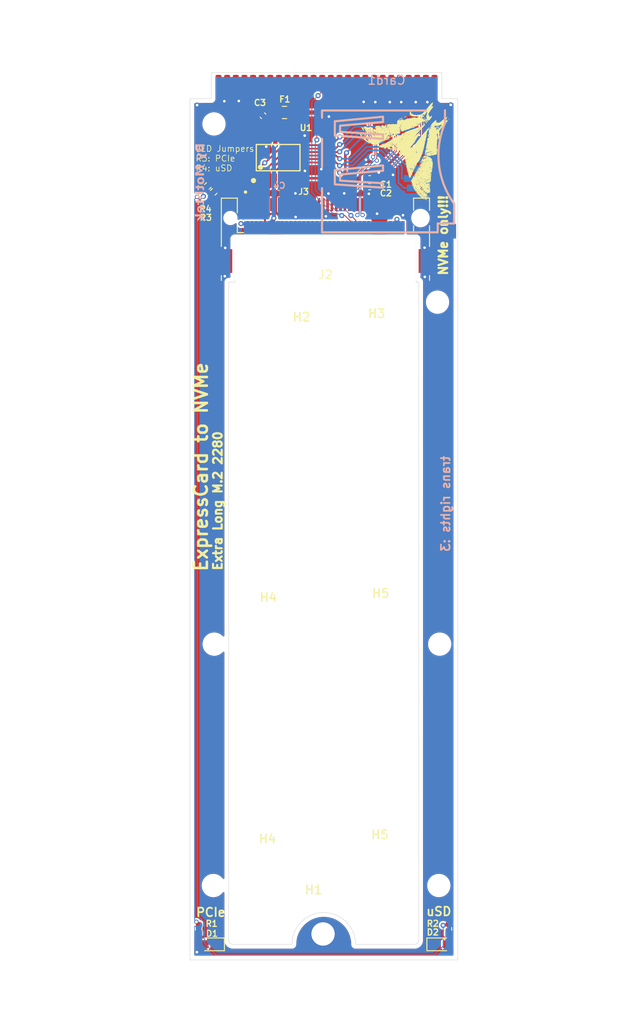
<source format=kicad_pcb>
(kicad_pcb (version 20241229) (generator "pcbnew") (generator_version "9.0")
  (layers (0 "F.Cu" signal) (2 "B.Cu" signal) (13 "F.Paste" user) (15 "B.Paste" user) (5 "F.SilkS" user "F.Silkscreen") (7 "B.SilkS" user "B.Silkscreen") (1 "F.Mask" user) (3 "B.Mask" user) (25 "Edge.Cuts" user))
  (net 0 "")
  (net 1 "PCIe_TX_P")
  (net 2 "PCIe_TX_N")
  (net 3 "GND")
  (net 4 "3V3")
  (net 5 "PCIe_LED")
  (net 6 "USB_N")
  (net 7 "USB_P")
  (net 8 "Net-(D1-A)")
  (net 9 "Net-(D2-A)")
  (net 11 "PCIe_CLK_P")
  (net 12 "CLKREQ")
  (net 13 "1V5")
  (net 14 "PCIe_RX_N")
  (net 17 "PERST")
  (net 19 "PCIe_CLK_N")
  (net 21 "PCIe_RX_P")
  (net 23 "SD_DAT0")
  (net 24 "PCIe_TX_C_P")
  (net 25 "PCIe_TX_C_N")
  (net 26 "SD_CMD")
  (net 27 "SD_3V3")
  (net 28 "SD_DAT3")
  (net 29 "SD_CLK")
  (net 30 "SD_DAT2")
  (net 31 "SD_DAT1")
  (net 32 "SD_LED")
  (net 35 "3V3_F")
  (net 72 "PCIe_LED_S")
  (net 73 "SD_LED_S")
  (footprint "Capacitor_SMD:C_0402_1005Metric" (layer "F.Cu") (at 68.65 56.225 -45)
    (property "Reference" "C3")
    (property "Value" "0.1uF")
  )
  (footprint "MountingHole:MountingHole_2.2mm_M2" (layer "F.Cu") (at 89 145.2)
    (property "Reference" "H5")
    (property "Value" "MOUNTING SCREW")
  )
  (footprint "MDT180M03001_2:AMPHENOL_MDT180M03001" (layer "F.Cu") (at 75.875 68.05)
    (property "Reference" "J3")
    (property "Value" "MDT180M03001")
    (fp_line (start -10.5 2.39) (end -10.5 7.2) (stroke (width 0.01)) (layer "Edge.Cuts"))
    (fp_line (start 10.5 2.39) (end -10.5 2.39) (stroke (width 0.01)) (layer "Edge.Cuts"))
    (fp_line (start 10.5 7.2) (end 10.5 2.39) (stroke (width 0.01)) (layer "Edge.Cuts"))
  )
  (footprint "GL823K-HCY04:SSOP-16_L4.9-W3.9-P0.64-LS6.0-BL" (layer "F.Cu") (at 70.400001 61.070001)
    (property "Reference" "U1")
    (property "Value" "GL823K-HCY04")
  )
  (footprint "" (layer "F.Cu") (at 63 117.3)
    (property "Reference" "")
    (property "Value" "")
  )
  (footprint "MountingHole:MountingHole_2.2mm_M2" (layer "F.Cu") (at 62.975 57.175)
    (property "Reference" "H2")
    (property "Value" "MOUNTING SCREW")
  )
  (footprint "Fuse:Fuse_0805_2012Metric" (layer "F.Cu") (at 71.1375 55.85)
    (property "Reference" "F1")
    (property "Value" "Fuse_Small")
  )
  (footprint "thinkmoth:ExpressCard_Plug" (layer "F.Cu") (at 76 52.5)
    (property "Reference" "J2")
    (property "Value" "ExpressCard")
    (fp_line (start -13.35 -1.25) (end 13.35 -1.25) (stroke (width 0.05)) (layer "Edge.Cuts"))
    (fp_line (start -13.35 1.75) (end -13.35 -1.25) (stroke (width 0.05)) (layer "Edge.Cuts"))
    (fp_line (start 13.35 -1.25) (end 13.35 1.75) (stroke (width 0.05)) (layer "Edge.Cuts"))
  )
  (footprint "Resistor_SMD:R_0402_1005Metric" (layer "F.Cu") (at 62.944662 65.023618 45)
    (property "Reference" "R3")
    (property "Value" "0r")
  )
  (footprint "Resistor_SMD:R_0402_1005Metric" (layer "F.Cu") (at 62.260625 64.339375 45)
    (property "Reference" "R4")
    (property "Value" "0r")
  )
  (footprint "LED_SMD:LED_0603_1608Metric" (layer "F.Cu") (at 89.1 152)
    (property "Reference" "D2")
    (property "Value" "LED")
  )
  (footprint "Resistor_SMD:R_0402_1005Metric" (layer "F.Cu") (at 90.1 150.210001 90)
    (property "Reference" "R2")
    (property "Value" "4k")
  )
  (footprint "Capacitor_SMD:C_0402_1005Metric" (layer "F.Cu") (at 80.997684 63.510701 180)
    (property "Reference" "C1")
    (property "Value" "0.1uF")
  )
  (footprint "MountingHole:MountingHole_2.2mm_M2" (layer "F.Cu") (at 62.9 145.2)
    (property "Reference" "H4")
    (property "Value" "MOUNTING SCREW")
  )
  (footprint "LED_SMD:LED_0603_1608Metric" (layer "F.Cu") (at 62.7 152 180)
    (property "Reference" "D1")
    (property "Value" "LED")
  )
  (footprint "MountingHole:MountingHole_2.2mm_M2" (layer "F.Cu") (at 89.1 117.3)
    (property "Reference" "H5")
    (property "Value" "MOUNTING SCREW")
  )
  (footprint "Resistor_SMD:R_0402_1005Metric" (layer "F.Cu") (at 61.2 150.2 90)
    (property "Reference" "R1")
    (property "Value" "4k")
  )
  (footprint "Capacitor_SMD:C_0402_1005Metric" (layer "F.Cu") (at 81 64.425 180)
    (property "Reference" "C2")
    (property "Value" "0.1uF")
  )
  (footprint "MountingHole:MountingHole_2.2mm_M2" (layer "F.Cu") (at 88.85 77.775)
    (property "Reference" "H3")
    (property "Value" "MOUNTING SCREW")
  )
  (footprint "MountingHole:MountingHole_2.7mm_M2.5_DIN965_Pad" (layer "F.Cu") (at 75.6 150.8)
    (property "Reference" "H1")
    (property "Value" "M.2 SCREW")
  )
  (footprint "MountingHole:MountingHole_2.2mm_M2" (layer "F.Cu") (at 63 117.3)
    (property "Reference" "H4")
    (property "Value" "MOUNTING SCREW")
  )
  (footprint "SOFNG-TF-001B:TF-SMD_TF-001B" (layer "B.Cu") (at 82.95 62.85 180)
    (property "Reference" "Card1")
    (property "Value" "TF-001B")
  )
  (footprint "Capacitor_SMD:C_0402_1005Metric" (layer "B.Cu") (at 70.45 65.225 180)
    (property "Reference" "C4")
    (property "Value" "0.1uF")
  )
  (gr_poly (pts (xy 86.837388 61.709902) (xy 86.836504 61.70893) (xy 86.835717 61.708004) (xy 86.835025 61.707116) (xy 86.834431 61.706272) (xy 86.833932 61.705467) (xy 86.833533 61.704702) (xy 86.833228 61.703975) (xy 86.833023 61.703288) (xy 86.832915 61.702634) (xy 86.832908 61.702021) (xy 86.832999 61.701441) (xy 86.833188 61.700897) (xy 86.833479 61.70039) (xy 86.833867 61.699913) (xy 86.834359 61.69947) (xy 86.834952 61.699059) (xy 86.835644 61.69868) (xy 86.836436 61.698331) (xy 86.837334 61.698011) (xy 86.838331 61.697724) (xy 86.839433 61.697461) (xy 86.840638 61.69723) (xy 86.841944 61.697022) (xy 86.843355 61.696842) (xy 86.844869 61.696687) (xy 86.848214 61.696453) (xy 86.850808 61.69601) (xy 86.853342 61.695434) (xy 86.855802 61.694732) (xy 86.858176 61.693912) (xy 86.860453 61.692981) (xy 86.862615 61.691945) (xy 86.86465 61.690814) (xy 86.86655 61.689592) (xy 86.868296 61.688291) (xy 86.869877 61.686914) (xy 86.870601 61.686199) (xy 86.871279 61.68547) (xy 86.87191 61.684724) (xy 86.872491 61.683966) (xy 86.87302 61.683194) (xy 86.873495 61.682408) (xy 86.873918 61.681612) (xy 86.874286 61.680807) (xy 86.874593 61.67999) (xy 86.874844 61.679165) (xy 86.87503 61.678334) (xy 86.875156 61.677496) (xy 86.875344 61.675952) (xy 86.875531 61.674689) (xy 86.875718 61.673706) (xy 86.875905 61.673003) (xy 86.875999 61.67276) (xy 86.876091 61.672585) (xy 86.876185 61.672478) (xy 86.876278 61.672445) (xy 86.876373 61.672477) (xy 86.876465 61.672584) (xy 86.87656 61.672759) (xy 86.876652 61.673003) (xy 86.876839 61.673705) (xy 86.877028 61.67469) (xy 86.877213 61.675952) (xy 86.877402 61.677496) (xy 86.877776 61.681422) (xy 86.878151 61.686475) (xy 86.878442 61.688939) (xy 86.878927 61.691452) (xy 86.879598 61.693988) (xy 86.880441 61.696531) (xy 86.881441 61.699057) (xy 86.882587 61.701541) (xy 86.883865 61.703966) (xy 86.88526 61.706305) (xy 86.886758 61.708542) (xy 86.888352 61.710651) (xy 86.890023 61.71261) (xy 86.89176 61.714399) (xy 86.89355 61.715993) (xy 86.89538 61.717374) (xy 86.897234 61.718516) (xy 86.898168 61.718993) (xy 86.899103 61.719403) (xy 86.900111 61.719877) (xy 86.90108 61.720372) (xy 86.902005 61.720883) (xy 86.902887 61.721404) (xy 86.903726 61.721942) (xy 86.904522 61.722491) (xy 86.905272 61.723054) (xy 86.90598 61.723628) (xy 86.90664 61.72421) (xy 86.907256 61.724805) (xy 86.907825 61.725408) (xy 86.908346 61.726015) (xy 86.908823 61.726631) (xy 86.909248 61.727252) (xy 86.909628 61.727877) (xy 86.909954 61.728507) (xy 86.910234 61.72914) (xy 86.910463 61.729775) (xy 86.910642 61.730412) (xy 86.910767 61.731048) (xy 86.910842 61.731683) (xy 86.910864 61.732316) (xy 86.910836 61.732947) (xy 86.91075 61.733574) (xy 86.910612 61.734199) (xy 86.910418 61.734815) (xy 86.910171 61.735428) (xy 86.909865 61.736032) (xy 86.909508 61.736629) (xy 86.909089 61.737216) (xy 86.908617 61.737795) (xy 86.908083 61.738361) (xy 86.907503 61.738908) (xy 86.906882 61.739426) (xy 86.906225 61.739911) (xy 86.905532 61.740369) (xy 86.904807 61.740797) (xy 86.904051 61.741196) (xy 86.903268 61.741564) (xy 86.902456 61.7419) (xy 86.900758 61.742482) (xy 86.89898 61.742938) (xy 86.897134 61.743271) (xy 86.895237 61.743474) (xy 86.893304 61.743552) (xy 86.891353 61.743497) (xy 86.889399 61.743309) (xy 86.887457 61.742991) (xy 86.885545 61.742538) (xy 86.883678 61.741949) (xy 86.882768 61.741602) (xy 86.881872 61.741221) (xy 86.880998 61.740806) (xy 86.880147 61.740356) (xy 86.87837 61.739704) (xy 86.876432 61.738876) (xy 86.874343 61.737885) (xy 86.872133 61.736739) (xy 86.867412 61.734043) (xy 86.862434 61.730877) (xy 86.857362 61.727339) (xy 86.852361 61.723518) (xy 86.849941 61.721534) (xy 86.847596 61.719513) (xy 86.845349 61.717468) (xy 86.843226 61.715411) (xy 86.840607 61.713071) (xy 86.838366 61.710912)) (fill yes) (layer "F.SilkS"))
  (gr_poly (pts (xy 87.458697 60.816189) (xy 87.458545 60.815969) (xy 87.458416 60.815725) (xy 87.458312 60.815461) (xy 87.458171 60.814871) (xy 87.458124 60.814205) (xy 87.458171 60.813469) (xy 87.458311 60.812669) (xy 87.458545 60.811811) (xy 87.458875 60.810898) (xy 87.459295 60.809942) (xy 87.459809 60.808942) (xy 87.460416 60.807909) (xy 87.461118 60.806847) (xy 87.461913 60.805761) (xy 87.462803 60.804656) (xy 87.463784 60.803541) (xy 87.464859 60.802419) (xy 87.465341 60.801967) (xy 87.46585 60.801541) (xy 87.466386 60.801148) (xy 87.466947 60.800785) (xy 87.46753 60.800449) (xy 87.468133 60.800146) (xy 87.468755 60.799872) (xy 87.469397 60.799628) (xy 87.470053 60.799416) (xy 87.470725 60.799234) (xy 87.471408 60.799083) (xy 87.472104 60.798964) (xy 87.472808 60.798875) (xy 87.47352 60.798818) (xy 87.474239 60.798795) (xy 87.474961 60.798802) (xy 87.47569 60.798841) (xy 87.476417 60.798912) (xy 87.477143 60.799017) (xy 87.477868 60.799154) (xy 87.478591 60.799325) (xy 87.479307 60.799527) (xy 87.480015 60.799765) (xy 87.480716 60.800033) (xy 87.481406 60.800337) (xy 87.482085 60.800674) (xy 87.482749 60.801044) (xy 87.4834 60.801451) (xy 87.48403 60.801889) (xy 87.484646 60.802362) (xy 87.485241 60.802873) (xy 87.485814 60.803416) (xy 87.48626 60.803889) (xy 87.486657 60.804373) (xy 87.487007 60.804867) (xy 87.487316 60.805366) (xy 87.487579 60.805874) (xy 87.487797 60.806388) (xy 87.487973 60.806904) (xy 87.488105 60.807423) (xy 87.488195 60.807944) (xy 87.488244 60.808465) (xy 87.48825 60.808986) (xy 87.488215 60.809503) (xy 87.488143 60.810017) (xy 87.488028 60.810525) (xy 87.487876 60.811029) (xy 87.487685 60.811522) (xy 87.487457 60.812011) (xy 87.487188 60.812486) (xy 87.486884 60.812952) (xy 87.486546 60.813403) (xy 87.486168 60.813843) (xy 87.485758 60.814266) (xy 87.485312 60.814673) (xy 87.484833 60.815063) (xy 87.484318 60.815433) (xy 87.483771 60.815783) (xy 87.483192 60.816112) (xy 87.482581 60.816418) (xy 87.481938 60.816699) (xy 87.481265 60.816955) (xy 87.480561 60.817185) (xy 87.479826 60.817385) (xy 87.478144 60.8179) (xy 87.47647 60.818324) (xy 87.474815 60.818662) (xy 87.473185 60.818913) (xy 87.471591 60.819085) (xy 87.47004 60.819175) (xy 87.468542 60.819189) (xy 87.467104 60.819132) (xy 87.465737 60.819004) (xy 87.464449 60.818808) (xy 87.463251 60.818548) (xy 87.462148 60.818227) (xy 87.461634 60.818045) (xy 87.461149 60.817848) (xy 87.460692 60.817638) (xy 87.460265 60.817413) (xy 87.459868 60.817174) (xy 87.459502 60.816925) (xy 87.45917 60.816662) (xy 87.458873 60.816388)) (fill yes) (layer "F.SilkS"))
  (gr_poly (pts (xy 86.936004 64.703801) (xy 86.935024 64.702749) (xy 86.93407 64.701684) (xy 86.933151 64.700606) (xy 86.932262 64.699521) (xy 86.931412 64.698429) (xy 86.930597 64.697332) (xy 86.929818 64.696233) (xy 86.929077 64.695134) (xy 86.928375 64.694036) (xy 86.927715 64.692945) (xy 86.927094 64.691861) (xy 86.926515 64.690783) (xy 86.925982 64.689718) (xy 86.92549 64.688664) (xy 86.925046 64.687626) (xy 86.924648 64.686607) (xy 86.924299 64.685606) (xy 86.923999 64.68463) (xy 86.923748 64.683675) (xy 86.923549 64.682748) (xy 86.923402 64.681849) (xy 86.923308 64.680979) (xy 86.923268 64.680144) (xy 86.923285 64.679344) (xy 86.923358 64.67858) (xy 86.923489 64.677855) (xy 86.923678 64.677173) (xy 86.923928 64.676535) (xy 86.924237 64.675941) (xy 86.924611 64.675399) (xy 86.925046 64.674905) (xy 86.926738 64.673317) (xy 86.928442 64.671918) (xy 86.930155 64.670705) (xy 86.931869 64.669674) (xy 86.933581 64.668818) (xy 86.935287 64.668136) (xy 86.93698 64.667627) (xy 86.938656 64.667281) (xy 86.94031 64.667098) (xy 86.941938 64.667074) (xy 86.943535 64.667203) (xy 86.945094 64.667485) (xy 86.946612 64.667913) (xy 86.948083 64.668484) (xy 86.949503 64.669195) (xy 86.950864 64.670039) (xy 86.952167 64.671018) (xy 86.953401 64.672122) (xy 86.954565 64.673351) (xy 86.955653 64.674699) (xy 86.95666 64.676166) (xy 86.957578 64.677743) (xy 86.958411 64.679428) (xy 86.959145 64.681219) (xy 86.959777 64.683112) (xy 86.960304 64.685098) (xy 86.960721 64.687179) (xy 86.96102 64.689352) (xy 86.9612 64.691607) (xy 86.961254 64.693946) (xy 86.96118 64.696361) (xy 86.960968 64.698852) (xy 86.960403 64.702898) (xy 86.959816 64.706435) (xy 86.959186 64.709466) (xy 86.958489 64.711994) (xy 86.958109 64.713074) (xy 86.957704 64.714027) (xy 86.957273 64.71486) (xy 86.95681 64.715565) (xy 86.956316 64.716154) (xy 86.955785 64.716619) (xy 86.955217 64.716964) (xy 86.954606 64.717187) (xy 86.953953 64.717291) (xy 86.953254 64.717276) (xy 86.952503 64.717142) (xy 86.951701 64.716889) (xy 86.950845 64.716519) (xy 86.949928 64.716031) (xy 86.948955 64.715428) (xy 86.947918 64.714708) (xy 86.945643 64.712922) (xy 86.943083 64.710681) (xy 86.940217 64.707983) (xy 86.937021 64.704839)) (fill yes) (layer "F.SilkS"))
  (gr_poly (pts (xy 80.629309 58.315506) (xy 80.627414 58.313496) (xy 80.625621 58.311518) (xy 80.623924 58.309576) (xy 80.622326 58.307671) (xy 80.620825 58.3058) (xy 80.619423 58.303966) (xy 80.618117 58.302173) (xy 80.61691 58.300417) (xy 80.6158 58.298703) (xy 80.614787 58.29703) (xy 80.613869 58.295398) (xy 80.613048 58.293809) (xy 80.612325 58.292264) (xy 80.611697 58.290765) (xy 80.611167 58.28931) (xy 80.610731 58.287902) (xy 80.610393 58.286542) (xy 80.610148 58.28523) (xy 80.609998 58.283967) (xy 80.609947 58.282754) (xy 80.609988 58.281594) (xy 80.610124 58.280484) (xy 80.610357 58.279428) (xy 80.610682 58.278428) (xy 80.611102 58.27748) (xy 80.611615 58.276587) (xy 80.612222 58.275752) (xy 80.612924 58.274975) (xy 80.613565 58.274284) (xy 80.614174 58.273516) (xy 80.614756 58.272681) (xy 80.615305 58.271776) (xy 80.616313 58.269771) (xy 80.617196 58.267522) (xy 80.617949 58.265055) (xy 80.618571 58.262381) (xy 80.619059 58.259529) (xy 80.619409 58.256517) (xy 80.619621 58.253362) (xy 80.619685 58.250089) (xy 80.619607 58.246715) (xy 80.619377 58.243264) (xy 80.618999 58.239753) (xy 80.618463 58.236205) (xy 80.61777 58.232637) (xy 80.616915 58.229077) (xy 80.615912 58.22409) (xy 80.615152 58.219593) (xy 80.614869 58.217521) (xy 80.614652 58.215556) (xy 80.614502 58.213705) (xy 80.61442 58.211959) (xy 80.614408 58.210314) (xy 80.614469 58.208768) (xy 80.614601 58.207318) (xy 80.614811 58.205959) (xy 80.615095 58.204692) (xy 80.615456 58.203507) (xy 80.615894 58.202409) (xy 80.616416 58.201388) (xy 80.617018 58.200441) (xy 80.617705 58.199571) (xy 80.618476 58.198768) (xy 80.619332 58.198032) (xy 80.620277 58.197359) (xy 80.621309 58.196745) (xy 80.622435 58.196186) (xy 80.623651 58.195681) (xy 80.624961 58.195226) (xy 80.626365 58.194817) (xy 80.627864 58.194452) (xy 80.629466 58.194125) (xy 80.631164 58.193838) (xy 80.632964 58.193581) (xy 80.63687 58.193157) (xy 80.640929 58.192704) (xy 80.644506 58.192497) (xy 80.64761 58.192564) (xy 80.648987 58.19271) (xy 80.650248 58.192936) (xy 80.651397 58.19325) (xy 80.652431 58.193651) (xy 80.653352 58.194144) (xy 80.654165 58.194733) (xy 80.654868 58.195425) (xy 80.655462 58.196221) (xy 80.655949 58.197127) (xy 80.656329 58.198144) (xy 80.656602 58.199279) (xy 80.656774 58.200533) (xy 80.656843 58.201916) (xy 80.656808 58.203424) (xy 80.656672 58.205069) (xy 80.656439 58.20685) (xy 80.655673 58.210834) (xy 80.654523 58.215418) (xy 80.652996 58.220631) (xy 80.651103 58.226504) (xy 80.648846 58.233066) (xy 80.6473 58.238186) (xy 80.646033 58.243426) (xy 80.645036 58.248768) (xy 80.644308 58.254194) (xy 80.643842 58.259683) (xy 80.643636 58.265217) (xy 80.643683 58.270779) (xy 80.643982 58.276348) (xy 80.644522 58.281905) (xy 80.645308 58.287431) (xy 80.646329 58.292906) (xy 80.647582 58.298314) (xy 80.649065 58.303635) (xy 80.650767 58.308848) (xy 80.652693 58.313936) (xy 80.654832 58.318878) (xy 80.676783 58.360786) (xy 80.63787 58.323869) (xy 80.635581 58.321732) (xy 80.633391 58.319624) (xy 80.6313 58.317549)) (fill yes) (layer "F.SilkS"))
  (gr_poly (pts (xy 87.385486 56.97127) (xy 87.384969 56.970684) (xy 87.384485 56.970083) (xy 87.384026 56.969465) (xy 87.383599 56.968837) (xy 87.383204 56.968196) (xy 87.382841 56.967544) (xy 87.382509 56.966883) (xy 87.38221 56.966211) (xy 87.381942 56.965533) (xy 87.381708 56.964849) (xy 87.381508 56.964158) (xy 87.381342 56.963465) (xy 87.381208 56.962766) (xy 87.381111 56.962065) (xy 87.381043 56.961364) (xy 87.381015 56.960661) (xy 87.38102 56.959962) (xy 87.381064 56.959263) (xy 87.38114 56.958569) (xy 87.381256 56.957878) (xy 87.381407 56.957194) (xy 87.381598 56.956515) (xy 87.381823 56.955843) (xy 87.382088 56.955182) (xy 87.382392 56.954531) (xy 87.382733 56.953888) (xy 87.383116 56.95326) (xy 87.383534 56.952644) (xy 87.383994 56.952042) (xy 87.384495 56.951457) (xy 87.385037 56.950887) (xy 87.385508 56.950423) (xy 87.385993 56.949975) (xy 87.386485 56.949538) (xy 87.386985 56.949116) (xy 87.387493 56.948705) (xy 87.388006 56.94831) (xy 87.388523 56.947931) (xy 87.389042 56.947567) (xy 87.390086 56.946884) (xy 87.391123 56.946275) (xy 87.391635 56.945995) (xy 87.392144 56.945735) (xy 87.392646 56.945496) (xy 87.393143 56.945273) (xy 87.393628 56.945073) (xy 87.394106 56.944893) (xy 87.39457 56.944737) (xy 87.395023 56.9446) (xy 87.395462 56.94449) (xy 87.395885 56.944399) (xy 87.396292 56.944333) (xy 87.396681 56.944292) (xy 87.397051 56.944275) (xy 87.397403 56.944282) (xy 87.39773 56.944319) (xy 87.398035 56.944381) (xy 87.398317 56.944467) (xy 87.398574 56.944583) (xy 87.398803 56.944727) (xy 87.399004 56.944898) (xy 87.399276 56.9452) (xy 87.39953 56.945541) (xy 87.399768 56.945919) (xy 87.399987 56.946333) (xy 87.400379 56.94726) (xy 87.400704 56.948314) (xy 87.400962 56.949479) (xy 87.401161 56.95074) (xy 87.401297 56.952088) (xy 87.401375 56.953506) (xy 87.401392 56.954983) (xy 87.401353 56.956505) (xy 87.401258 56.958059) (xy 87.401109 56.959632) (xy 87.400908 56.961212) (xy 87.400656 56.962785) (xy 87.400353 56.964335) (xy 87.400004 56.965854) (xy 87.399715 56.966674) (xy 87.399407 56.967456) (xy 87.399086 56.968194) (xy 87.398747 56.968893) (xy 87.398394 56.969551) (xy 87.398028 56.970168) (xy 87.397651 56.970746) (xy 87.39726 56.971278) (xy 87.396855 56.971773) (xy 87.39644 56.972226) (xy 87.396016 56.972638) (xy 87.395583 56.973009) (xy 87.39514 56.97334) (xy 87.394689 56.973631) (xy 87.394231 56.973878) (xy 87.393766 56.974086) (xy 87.393296 56.974251) (xy 87.39282 56.974377) (xy 87.392341 56.974463) (xy 87.391856 56.974508) (xy 87.39137 56.974509) (xy 87.390882 56.974471) (xy 87.390391 56.974393) (xy 87.389899 56.974272) (xy 87.389409 56.974112) (xy 87.388919 56.97391) (xy 87.388428 56.973666) (xy 87.387943 56.973383) (xy 87.387459 56.973059) (xy 87.386979 56.972694) (xy 87.386504 56.972288) (xy 87.386033 56.97184)) (fill yes) (layer "F.SilkS"))
  (gr_poly (pts (xy 88.232626 55.084421) (xy 88.23212 55.083843) (xy 88.231643 55.083258) (xy 88.231203 55.08266) (xy 88.230799 55.082056) (xy 88.230427 55.081443) (xy 88.230091 55.080825) (xy 88.229787 55.080204) (xy 88.229518 55.079575) (xy 88.229282 55.078943) (xy 88.229079 55.07831) (xy 88.228909 55.077677) (xy 88.228771 55.07704) (xy 88.228667 55.076403) (xy 88.228595 55.075768) (xy 88.228556 55.075135) (xy 88.228548 55.074505) (xy 88.228573 55.073879) (xy 88.22863 55.073259) (xy 88.228716 55.072643) (xy 88.228837 55.072033) (xy 88.228988 55.071432) (xy 88.229169 55.070838) (xy 88.229382 55.070257) (xy 88.229625 55.069682) (xy 88.229901 55.069119) (xy 88.230203 55.068569) (xy 88.230539 55.068033) (xy 88.230901 55.067509) (xy 88.231296 55.067) (xy 88.231719 55.066508) (xy 88.232172 55.066031) (xy 88.232749 55.065479) (xy 88.233352 55.064943) (xy 88.233982 55.064427) (xy 88.234638 55.063932) (xy 88.235318 55.063455) (xy 88.23602 55.062998) (xy 88.236744 55.062563) (xy 88.23749 55.06215) (xy 88.239033 55.061387) (xy 88.240645 55.060718) (xy 88.242309 55.060143) (xy 88.244022 55.05967) (xy 88.245768 55.059301) (xy 88.246652 55.05916) (xy 88.247539 55.059045) (xy 88.248431 55.058958) (xy 88.249325 55.0589) (xy 88.25022 55.058872) (xy 88.251116 55.058875) (xy 88.252008 55.058907) (xy 88.2529 55.058972) (xy 88.253785 55.059066) (xy 88.254668 55.059195) (xy 88.255542 55.059357) (xy 88.256412 55.059552) (xy 88.257267 55.059779) (xy 88.258115 55.060044) (xy 88.258845 55.06025) (xy 88.259532 55.060496) (xy 88.260175 55.060783) (xy 88.260777 55.061105) (xy 88.261339 55.061461) (xy 88.261859 55.06185) (xy 88.262331 55.062273) (xy 88.262763 55.062725) (xy 88.263148 55.063206) (xy 88.263493 55.063716) (xy 88.263791 55.064254) (xy 88.264046 55.064815) (xy 88.264252 55.0654) (xy 88.264415 55.066006) (xy 88.264531 55.066634) (xy 88.264602 55.06728) (xy 88.264626 55.06794) (xy 88.264601 55.068622) (xy 88.264528 55.069314) (xy 88.264409 55.070022) (xy 88.264242 55.070739) (xy 88.264027 55.071471) (xy 88.263762 55.072207) (xy 88.263449 55.072952) (xy 88.263082 55.073704) (xy 88.26267 55.074459) (xy 88.262204 55.075219) (xy 88.26169 55.075977) (xy 88.261123 55.076736) (xy 88.260506 55.077496) (xy 88.259834 55.078252) (xy 88.259116 55.079002) (xy 88.258264 55.079822) (xy 88.257396 55.080605) (xy 88.256517 55.081344) (xy 88.255626 55.082043) (xy 88.254722 55.082701) (xy 88.253811 55.083317) (xy 88.252895 55.083893) (xy 88.251973 55.084427) (xy 88.251047 55.084921) (xy 88.250122 55.085375) (xy 88.249196 55.085786) (xy 88.248273 55.086158) (xy 88.247355 55.08649) (xy 88.246445 55.086778) (xy 88.245538 55.087027) (xy 88.244647 55.087234) (xy 88.243763 55.087401) (xy 88.242893 55.087526) (xy 88.24204 55.087611) (xy 88.241202 55.087656) (xy 88.240386 55.087657) (xy 88.239589 55.087619) (xy 88.238817 55.087542) (xy 88.238065 55.08742) (xy 88.237341 55.087261) (xy 88.236647 55.087061) (xy 88.235981 55.086817) (xy 88.235348 55.086533) (xy 88.23475 55.086209) (xy 88.234185 55.085844) (xy 88.233658 55.085437) (xy 88.23317 55.08499)) (fill yes) (layer "F.SilkS"))
  (gr_poly (pts (xy 89.936536 56.98019) (xy 89.936146 56.979677) (xy 89.935781 56.979127) (xy 89.935447 56.97854) (xy 89.935144 56.977917) (xy 89.934873 56.977257) (xy 89.934636 56.976563) (xy 89.93443 56.975832) (xy 89.934216 56.974935) (xy 89.934133 56.973929) (xy 89.93435 56.971616) (xy 89.935055 56.968919) (xy 89.936224 56.965869) (xy 89.93783 56.962497) (xy 89.93985 56.958835) (xy 89.94226 56.954913) (xy 89.945031 56.95076) (xy 89.948144 56.946412) (xy 89.951572 56.941892) (xy 89.959267 56.932473) (xy 89.967922 56.922751) (xy 89.977337 56.91297) (xy 89.983264 56.907438) (xy 89.988712 56.902449) (xy 89.993681 56.897997) (xy 89.998182 56.894088) (xy 90.000256 56.892339) (xy 90.002219 56.890724) (xy 90.004068 56.889247) (xy 90.005802 56.887907) (xy 90.007427 56.886701) (xy 90.008938 56.885634) (xy 90.010342 56.884703) (xy 90.011635 56.883908) (xy 90.012821 56.883253) (xy 90.013899 56.882732) (xy 90.014872 56.882351) (xy 90.015738 56.882109) (xy 90.016131 56.882042) (xy 90.0165 56.882004) (xy 90.016842 56.882005) (xy 90.017158 56.882037) (xy 90.01745 56.882108) (xy 90.017714 56.88221) (xy 90.017954 56.882348) (xy 90.018166 56.882521) (xy 90.018357 56.882729) (xy 90.018522 56.88297) (xy 90.01866 56.883247) (xy 90.018774 56.88356) (xy 90.018863 56.883907) (xy 90.018928 56.884287) (xy 90.018984 56.885154) (xy 90.018943 56.886161) (xy 90.018807 56.887307) (xy 90.018574 56.888595) (xy 90.018246 56.890018) (xy 90.016836 56.894701) (xy 90.014886 56.899731) (xy 90.012424 56.905064) (xy 90.0095 56.910647) (xy 90.006148 56.916437) (xy 90.002408 56.922381) (xy 89.99832 56.928434) (xy 89.993926 56.934547) (xy 89.989259 56.940672) (xy 89.984366 56.946761) (xy 89.979281 56.952765) (xy 89.974046 56.958636) (xy 89.968699 56.964325) (xy 89.963282 56.969784) (xy 89.957832 56.974967) (xy 89.952391 56.979824) (xy 89.951642 56.980363) (xy 89.950896 56.980853) (xy 89.950151 56.981299) (xy 89.949407 56.981699) (xy 89.948671 56.982051) (xy 89.947939 56.982362) (xy 89.947214 56.982625) (xy 89.946495 56.982848) (xy 89.945788 56.983024) (xy 89.94509 56.983156) (xy 89.944402 56.983249) (xy 89.943725 56.983297) (xy 89.943063 56.983301) (xy 89.942414 56.983264) (xy 89.941782 56.983186) (xy 89.941165 56.983066) (xy 89.940566 56.982906) (xy 89.939986 56.982704) (xy 89.939426 56.982462) (xy 89.938885 56.982181) (xy 89.938369 56.98186) (xy 89.937875 56.981501) (xy 89.937401 56.981103) (xy 89.936956 56.980666)) (fill yes) (layer "F.SilkS"))
  (gr_poly (pts (xy 81.067176 58.575315) (xy 81.066426 58.574363) (xy 81.065765 58.57338) (xy 81.065199 58.572367) (xy 81.064732 58.571331) (xy 81.064364 58.570275) (xy 81.064102 58.569203) (xy 81.063947 58.568117) (xy 81.063902 58.567022) (xy 81.063972 58.565919) (xy 81.064158 58.564816) (xy 81.064464 58.563714) (xy 81.064895 58.562616) (xy 81.065452 58.561529) (xy 81.066142 58.560453) (xy 81.066965 58.559395) (xy 81.067924 58.558353) (xy 81.068415 58.557902) (xy 81.068951 58.557488) (xy 81.069531 58.557106) (xy 81.070151 58.556758) (xy 81.070812 58.556442) (xy 81.071512 58.556158) (xy 81.073021 58.555687) (xy 81.074666 58.555338) (xy 81.07643 58.55511) (xy 81.078304 58.554992) (xy 81.080271 58.554985) (xy 81.082322 58.555084) (xy 81.084441 58.555283) (xy 81.086614 58.55558) (xy 81.088831 58.555966) (xy 81.091076 58.556442) (xy 81.093339 58.557003) (xy 81.095603 58.55764) (xy 81.097858 58.558352) (xy 81.099656 58.5593) (xy 81.101308 58.560276) (xy 81.102818 58.561275) (xy 81.104183 58.56229) (xy 81.105409 58.563319) (xy 81.10649 58.564359) (xy 81.107436 58.565408) (xy 81.108241 58.566459) (xy 81.10891 58.567511) (xy 81.109442 58.568561) (xy 81.109838 58.5696) (xy 81.110101 58.57063) (xy 81.110229 58.571646) (xy 81.110228 58.57264) (xy 81.110095 58.573619) (xy 81.109832 58.574567) (xy 81.109438 58.575488) (xy 81.108921 58.576374) (xy 81.108276 58.577224) (xy 81.107505 58.578037) (xy 81.106609 58.578802) (xy 81.105592 58.579522) (xy 81.104453 58.580189) (xy 81.103191 58.580804) (xy 81.101809 58.581358) (xy 81.100308 58.58185) (xy 81.098693 58.582279) (xy 81.096957 58.582634) (xy 81.095109 58.582921) (xy 81.093146 58.583128) (xy 81.091069 58.583253) (xy 81.088878 58.583296) (xy 81.087119 58.583344) (xy 81.085398 58.583302) (xy 81.083718 58.583173) (xy 81.082083 58.582961) (xy 81.080499 58.582671) (xy 81.078965 58.582306) (xy 81.077484 58.581868) (xy 81.076062 58.581364) (xy 81.074702 58.580796) (xy 81.073406 58.580165) (xy 81.072179 58.579477) (xy 81.071024 58.578738) (xy 81.069942 58.577948) (xy 81.068938 58.577112) (xy 81.068014 58.576232)) (fill yes) (layer "F.SilkS"))
  (gr_poly (pts (xy 87.197516 57.220797) (xy 87.196599 57.219685) (xy 87.194805 57.217121) (xy 87.193068 57.214099) (xy 87.191399 57.210628) (xy 87.189798 57.206711) (xy 87.188271 57.202357) (xy 87.18683 57.197568) (xy 87.185475 57.192355) (xy 87.185214 57.190979) (xy 87.184996 57.189655) (xy 87.184817 57.188383) (xy 87.184682 57.187166) (xy 87.184586 57.186) (xy 87.184533 57.184891) (xy 87.184523 57.183832) (xy 87.184554 57.182829) (xy 87.184627 57.181881) (xy 87.184745 57.180986) (xy 87.184904 57.180145) (xy 87.185105 57.179359) (xy 87.185351 57.178629) (xy 87.185641 57.177952) (xy 87.18597 57.177331) (xy 87.186346 57.176765) (xy 87.186765 57.176253) (xy 87.187231 57.175802) (xy 87.187737 57.175402) (xy 87.188288 57.17506) (xy 87.188887 57.174774) (xy 87.189528 57.174544) (xy 87.190215 57.174371) (xy 87.190947 57.174254) (xy 87.191723 57.174194) (xy 87.192546 57.174195) (xy 87.193413 57.174249) (xy 87.194327 57.174363) (xy 87.195288 57.174533) (xy 87.196293 57.174762) (xy 87.197348 57.175048) (xy 87.198446 57.175394) (xy 87.200375 57.175922) (xy 87.202229 57.176577) (xy 87.204015 57.177347) (xy 87.205721 57.178225) (xy 87.207348 57.179206) (xy 87.208896 57.180284) (xy 87.210362 57.181453) (xy 87.211744 57.182706) (xy 87.213039 57.184035) (xy 87.214248 57.185437) (xy 87.215363 57.186902) (xy 87.216387 57.188425) (xy 87.217317 57.190002) (xy 87.218153 57.191622) (xy 87.218888 57.193283) (xy 87.219525 57.194975) (xy 87.220057 57.196693) (xy 87.220484 57.198434) (xy 87.22081 57.200187) (xy 87.221021 57.201947) (xy 87.221127 57.203707) (xy 87.221118 57.205462) (xy 87.220995 57.207205) (xy 87.220757 57.208928) (xy 87.220397 57.210629) (xy 87.21992 57.212295) (xy 87.21932 57.213927) (xy 87.218593 57.215514) (xy 87.217743 57.21705) (xy 87.216764 57.218528) (xy 87.215653 57.219945) (xy 87.214411 57.221291) (xy 87.213382 57.222255) (xy 87.212354 57.223093) (xy 87.211327 57.223804) (xy 87.210303 57.224387) (xy 87.20928 57.224844) (xy 87.208263 57.225177) (xy 87.20725 57.225386) (xy 87.206242 57.225472) (xy 87.20524 57.225432) (xy 87.204242 57.225272) (xy 87.203255 57.224991) (xy 87.202273 57.224589) (xy 87.201302 57.224067) (xy 87.200338 57.223427) (xy 87.199387 57.222667) (xy 87.198446 57.221789)) (fill yes) (layer "F.SilkS"))
  (gr_poly (pts (xy 83.981982 60.253049) (xy 83.981498 60.252445) (xy 83.981065 60.251816) (xy 83.980686 60.25116) (xy 83.980356 60.250479) (xy 83.980075 60.249779) (xy 83.979845 60.249054) (xy 83.979663 60.248309) (xy 83.979528 60.247545) (xy 83.979443 60.246764) (xy 83.979403 60.245967) (xy 83.97941 60.245154) (xy 83.979563 60.243488) (xy 83.979897 60.241777) (xy 83.980405 60.240029) (xy 83.981083 60.238258) (xy 83.981929 60.236472) (xy 83.982936 60.234683) (xy 83.984103 60.232899) (xy 83.985421 60.231129) (xy 83.986889 60.229388) (xy 83.988503 60.227683) (xy 83.989251 60.226957) (xy 83.99 60.22628) (xy 83.990744 60.225649) (xy 83.991486 60.225065) (xy 83.992224 60.224527) (xy 83.992958 60.224041) (xy 83.993687 60.223601) (xy 83.994412 60.223206) (xy 83.995127 60.222864) (xy 83.995833 60.222568) (xy 83.996531 60.22232) (xy 83.997218 60.222123) (xy 83.997898 60.221973) (xy 83.998562 60.221872) (xy 83.999213 60.221823) (xy 83.999852 60.221821) (xy 84.000477 60.221869) (xy 84.001085 60.221968) (xy 84.001677 60.222114) (xy 84.002252 60.222315) (xy 84.002808 60.222562) (xy 84.003345 60.222862) (xy 84.003862 60.22321) (xy 84.00436 60.223614) (xy 84.004833 60.224066) (xy 84.005283 60.224569) (xy 84.005712 60.225123) (xy 84.006113 60.225731) (xy 84.006494 60.226391) (xy 84.006844 60.2271) (xy 84.007164 60.227864) (xy 84.007463 60.228679) (xy 84.007789 60.23022) (xy 84.008022 60.23184) (xy 84.008163 60.233526) (xy 84.00821 60.235258) (xy 84.008163 60.23703) (xy 84.008023 60.238818) (xy 84.007787 60.240614) (xy 84.007462 60.2424) (xy 84.00704 60.244163) (xy 84.006526 60.245889) (xy 84.005919 60.24756) (xy 84.005215 60.249166) (xy 84.004421 60.250688) (xy 84.003532 60.252117) (xy 84.002551 60.253434) (xy 84.002023 60.254044) (xy 84.001474 60.254624) (xy 84.000995 60.255073) (xy 84.000494 60.25549) (xy 83.999973 60.255871) (xy 83.99943 60.256218) (xy 83.998874 60.256532) (xy 83.998298 60.256811) (xy 83.99771 60.257059) (xy 83.997109 60.257274) (xy 83.996497 60.257456) (xy 83.995871 60.257608) (xy 83.995239 60.257727) (xy 83.994599 60.257816) (xy 83.993953 60.257874) (xy 83.993302 60.2579) (xy 83.992649 60.257899) (xy 83.991995 60.257867) (xy 83.991341 60.257805) (xy 83.990686 60.257715) (xy 83.990038 60.257595) (xy 83.98939 60.257449) (xy 83.988752 60.257275) (xy 83.988118 60.257072) (xy 83.987495 60.256844) (xy 83.986883 60.256588) (xy 83.98628 60.256305) (xy 83.98569 60.255998) (xy 83.985116 60.255665) (xy 83.984559 60.255307) (xy 83.984016 60.254922) (xy 83.983496 60.254514) (xy 83.982995 60.254082) (xy 83.982516 60.253627)) (fill yes) (layer "F.SilkS"))
  (gr_poly (pts (xy 81.924665 59.789769) (xy 81.923947 59.788907) (xy 81.923337 59.788045) (xy 81.922837 59.787184) (xy 81.92244 59.786323) (xy 81.922155 59.785463) (xy 81.921975 59.784598) (xy 81.921902 59.783734) (xy 81.921938 59.782863) (xy 81.922078 59.78199) (xy 81.922325 59.781113) (xy 81.922679 59.780227) (xy 81.923137 59.779334) (xy 81.923704 59.778435) (xy 81.924378 59.777525) (xy 81.925154 59.776607) (xy 81.926037 59.775675) (xy 81.926532 59.775232) (xy 81.927088 59.774833) (xy 81.927693 59.774479) (xy 81.928355 59.774174) (xy 81.929063 59.773912) (xy 81.929823 59.773692) (xy 81.931479 59.773384) (xy 81.933305 59.773246) (xy 81.93528 59.773273) (xy 81.937397 59.773462) (xy 81.939633 59.773806) (xy 81.941973 59.774301) (xy 81.944405 59.774946) (xy 81.946909 59.775732) (xy 81.94947 59.776659) (xy 81.952072 59.777719) (xy 81.9547 59.778908) (xy 81.957334 59.780225) (xy 81.959962 59.781662) (xy 81.962476 59.783171) (xy 81.964784 59.784695) (xy 81.966885 59.786227) (xy 81.968783 59.787765) (xy 81.970485 59.789299) (xy 81.971988 59.790821) (xy 81.973298 59.792327) (xy 81.974415 59.793808) (xy 81.975344 59.795259) (xy 81.976089 59.796674) (xy 81.976648 59.798043) (xy 81.977028 59.799362) (xy 81.977231 59.800621) (xy 81.977259 59.801817) (xy 81.977115 59.802942) (xy 81.976799 59.80399) (xy 81.97632 59.804951) (xy 81.975677 59.805821) (xy 81.97487 59.806594) (xy 81.973905 59.807261) (xy 81.972787 59.807815) (xy 81.971516 59.808253) (xy 81.970094 59.808564) (xy 81.968521 59.808743) (xy 81.966807 59.808783) (xy 81.96495 59.808679) (xy 81.962954 59.808422) (xy 81.960822 59.808005) (xy 81.958555 59.807423) (xy 81.956158 59.806668) (xy 81.953632 59.805734) (xy 81.950982 59.804612) (xy 81.946154 59.802589) (xy 81.943905 59.801601) (xy 81.941765 59.800628) (xy 81.939737 59.799668) (xy 81.93782 59.798721) (xy 81.936014 59.797786) (xy 81.934316 59.796864) (xy 81.932728 59.795951) (xy 81.931249 59.795046) (xy 81.929879 59.794152) (xy 81.928619 59.793264) (xy 81.927469 59.792383) (xy 81.926425 59.791508) (xy 81.925491 59.790636)) (fill yes) (layer "F.SilkS"))
  (gr_poly (pts (xy 82.355542 59.325105) (xy 82.355016 59.324543) (xy 82.354513 59.323984) (xy 82.354034 59.323429) (xy 82.353577 59.322874) (xy 82.353146 59.322324) (xy 82.352735 59.321778) (xy 82.352349 59.321238) (xy 82.351986 59.320703) (xy 82.351649 59.320176) (xy 82.351333 59.319654) (xy 82.351039 59.319141) (xy 82.350771 59.318637) (xy 82.350526 59.318144) (xy 82.350304 59.317658) (xy 82.350105 59.317185) (xy 82.34993 59.316723) (xy 82.349778 59.316274) (xy 82.349648 59.315838) (xy 82.349544 59.315415) (xy 82.349461 59.315007) (xy 82.349404 59.314616) (xy 82.349369 59.314238) (xy 82.349357 59.313881) (xy 82.349369 59.313537) (xy 82.349402 59.313213) (xy 82.349462 59.312909) (xy 82.349542 59.312624) (xy 82.349649 59.31236) (xy 82.349778 59.312116) (xy 82.34993 59.311894) (xy 82.350104 59.311696) (xy 82.350403 59.311421) (xy 82.350735 59.311159) (xy 82.351496 59.310671) (xy 82.352381 59.310236) (xy 82.35338 59.309857) (xy 82.354483 59.309533) (xy 82.355682 59.309275) (xy 82.35697 59.309081) (xy 82.358338 59.308951) (xy 82.359774 59.308896) (xy 82.361273 59.308909) (xy 82.362824 59.309001) (xy 82.364418 59.309172) (xy 82.366049 59.30942) (xy 82.367702 59.309758) (xy 82.369376 59.310183) (xy 82.371061 59.310699) (xy 82.371792 59.3109) (xy 82.372496 59.311128) (xy 82.37317 59.311386) (xy 82.373813 59.311666) (xy 82.374424 59.311973) (xy 82.375003 59.312301) (xy 82.37555 59.312652) (xy 82.376062 59.313022) (xy 82.376544 59.313411) (xy 82.37699 59.313818) (xy 82.377402 59.314241) (xy 82.377777 59.314681) (xy 82.378116 59.315132) (xy 82.37842 59.315597) (xy 82.378687 59.316073) (xy 82.378917 59.316561) (xy 82.379108 59.317056) (xy 82.37926 59.317559) (xy 82.379374 59.318067) (xy 82.379449 59.318582) (xy 82.379482 59.319098) (xy 82.379474 59.31962) (xy 82.379427 59.32014) (xy 82.379339 59.320661) (xy 82.379205 59.321181) (xy 82.37903 59.321696) (xy 82.378812 59.32221) (xy 82.378548 59.322716) (xy 82.378242 59.323217) (xy 82.377888 59.323712) (xy 82.377489 59.324194) (xy 82.377045 59.324669) (xy 82.376473 59.325211) (xy 82.375879 59.325719) (xy 82.375265 59.326195) (xy 82.37463 59.326634) (xy 82.373981 59.327041) (xy 82.373316 59.327412) (xy 82.372638 59.327748) (xy 82.371948 59.328051) (xy 82.371247 59.328321) (xy 82.370539 59.328557) (xy 82.369822 59.328761) (xy 82.3691 59.328931) (xy 82.368374 59.329067) (xy 82.367648 59.329172) (xy 82.36692 59.329244) (xy 82.366196 59.329282) (xy 82.365471 59.329289) (xy 82.364752 59.329265) (xy 82.36404 59.32921) (xy 82.363336 59.329121) (xy 82.362642 59.329001) (xy 82.361957 59.32885) (xy 82.361285 59.328669) (xy 82.360629 59.328456) (xy 82.359988 59.328212) (xy 82.359366 59.327939) (xy 82.358762 59.327634) (xy 82.358179 59.327301) (xy 82.357619 59.326937) (xy 82.357082 59.326542) (xy 82.356576 59.326118) (xy 82.356092 59.325665)) (fill yes) (layer "F.SilkS"))
  (gr_poly (pts (xy 80.392513 59.093853) (xy 80.389947 59.09062) (xy 80.38939 59.089581) (xy 80.389353 59.088955) (xy 80.389856 59.088766) (xy 80.39093 59.089038) (xy 80.394879 59.091051) (xy 80.401389 59.095171) (xy 80.41139 59.101583) (xy 80.421859 59.108048) (xy 80.443735 59.120898) (xy 80.466075 59.133233) (xy 80.487949 59.144563) (xy 80.50842 59.154398) (xy 80.517835 59.158601) (xy 80.526552 59.162244) (xy 80.534449 59.165267) (xy 80.541408 59.167611) (xy 80.547319 59.169212) (xy 80.552058 59.170008) (xy 80.553524 59.170213) (xy 80.554935 59.170454) (xy 80.556285 59.170728) (xy 80.557579 59.171036) (xy 80.558815 59.171379) (xy 80.559993 59.171756) (xy 80.561113 59.172168) (xy 80.562177 59.17261) (xy 80.563182 59.17309) (xy 80.564132 59.173604) (xy 80.565026 59.174148) (xy 80.565862 59.174726) (xy 80.566642 59.175337) (xy 80.567367 59.175983) (xy 80.568033 59.176658) (xy 80.568648 59.177366) (xy 80.569203 59.178108) (xy 80.569707 59.17888) (xy 80.570151 59.179685) (xy 80.570542 59.180521) (xy 80.570879 59.181389) (xy 80.571162 59.182289) (xy 80.571389 59.183217) (xy 80.571562 59.184178) (xy 80.571682 59.185171) (xy 80.571748 59.186193) (xy 80.571757 59.187246) (xy 80.571716 59.18833) (xy 80.571621 59.189439) (xy 80.571471 59.190582) (xy 80.57127 59.191754) (xy 80.571016 59.192956) (xy 80.570592 59.194848) (xy 80.570426 59.196771) (xy 80.570518 59.198724) (xy 80.570848 59.200692) (xy 80.571406 59.202675) (xy 80.572181 59.204664) (xy 80.573162 59.20665) (xy 80.574338 59.208626) (xy 80.575696 59.210586) (xy 80.577225 59.212524) (xy 80.578916 59.214431) (xy 80.58075 59.2163) (xy 80.584822 59.219901) (xy 80.589352 59.223265) (xy 80.594242 59.226337) (xy 80.599401 59.229059) (xy 80.60474 59.231375) (xy 80.610164 59.233227) (xy 80.612881 59.233964) (xy 80.615583 59.234561) (xy 80.618263 59.235014) (xy 80.620904 59.235316) (xy 80.623499 59.235458) (xy 80.626035 59.235436) (xy 80.628501 59.23524) (xy 80.630884 59.234865) (xy 80.63157 59.234827) (xy 80.632321 59.234897) (xy 80.633991 59.235352) (xy 80.635878 59.23621) (xy 80.637965 59.237453) (xy 80.640221 59.239057) (xy 80.642636 59.241003) (xy 80.645184 59.243272) (xy 80.647848 59.245842) (xy 80.650602 59.248692) (xy 80.653431 59.251801) (xy 80.656315 59.255149) (xy 80.65923 59.258719) (xy 80.662155 59.262487) (xy 80.665071 59.266432) (xy 80.667959 59.270535) (xy 80.670797 59.274777) (xy 80.679548 59.28885) (xy 80.682808 59.294361) (xy 80.685234 59.29885) (xy 80.686762 59.30231) (xy 80.687163 59.303653) (xy 80.687319 59.304735) (xy 80.687217 59.305556) (xy 80.686844 59.306119) (xy 80.686195 59.30642) (xy 80.685265 59.306458) (xy 80.684042 59.306233) (xy 80.682519 59.305744) (xy 80.678534 59.303971) (xy 80.673248 59.301133) (xy 80.666589 59.297226) (xy 80.648888 59.286182) (xy 80.624898 59.270786) (xy 80.592141 59.249038) (xy 80.556673 59.224762) (xy 80.522888 59.201048) (xy 80.495186 59.180982) (xy 80.483804 59.172477) (xy 80.472245 59.163544) (xy 80.449377 59.145123) (xy 80.428146 59.127173) (xy 80.41012 59.111138) (xy 80.402796 59.104292) (xy 80.396864 59.098469)) (fill yes) (layer "F.SilkS"))
  (gr_poly (pts (xy 87.275727 57.041118) (xy 87.27521 57.040532) (xy 87.274725 57.03993) (xy 87.274266 57.039313) (xy 87.273841 57.038683) (xy 87.273445 57.038044) (xy 87.273083 57.037391) (xy 87.272751 57.036729) (xy 87.272453 57.036059) (xy 87.272186 57.035377) (xy 87.271951 57.034696) (xy 87.271749 57.034004) (xy 87.271584 57.03331) (xy 87.271449 57.032613) (xy 87.27135 57.031911) (xy 87.271285 57.031209) (xy 87.271256 57.030509) (xy 87.271261 57.029809) (xy 87.271306 57.029111) (xy 87.271384 57.028416) (xy 87.271498 57.027726) (xy 87.271649 57.02704) (xy 87.271839 57.026361) (xy 87.272066 57.02569) (xy 87.272331 57.02503) (xy 87.272632 57.024378) (xy 87.272975 57.023736) (xy 87.273355 57.023106) (xy 87.273775 57.022491) (xy 87.274237 57.021888) (xy 87.274736 57.021303) (xy 87.275277 57.020733) (xy 87.27575 57.020271) (xy 87.276234 57.019822) (xy 87.276725 57.019385) (xy 87.277228 57.018961) (xy 87.277735 57.018552) (xy 87.278248 57.018157) (xy 87.278764 57.017779) (xy 87.279283 57.017412) (xy 87.280326 57.016732) (xy 87.281363 57.01612) (xy 87.281876 57.015841) (xy 87.282385 57.015583) (xy 87.282889 57.015342) (xy 87.283386 57.015121) (xy 87.283872 57.014921) (xy 87.284347 57.014741) (xy 87.284811 57.014583) (xy 87.285263 57.014448) (xy 87.285703 57.014334) (xy 87.286127 57.014245) (xy 87.286533 57.014179) (xy 87.286921 57.014137) (xy 87.287293 57.01412) (xy 87.287643 57.014129) (xy 87.287971 57.014163) (xy 87.288276 57.014225) (xy 87.288558 57.014314) (xy 87.288815 57.014429) (xy 87.289043 57.014573) (xy 87.289246 57.014746) (xy 87.289518 57.015047) (xy 87.289772 57.015386) (xy 87.290009 57.015765) (xy 87.290229 57.016179) (xy 87.290619 57.017108) (xy 87.290945 57.018159) (xy 87.291208 57.019325) (xy 87.291403 57.020588) (xy 87.291541 57.021933) (xy 87.291615 57.023353) (xy 87.291634 57.024831) (xy 87.291595 57.026351) (xy 87.291501 57.027907) (xy 87.291352 57.029479) (xy 87.29115 57.031059) (xy 87.290896 57.032632) (xy 87.290596 57.034182) (xy 87.290244 57.0357) (xy 87.289953 57.036522) (xy 87.289647 57.037302) (xy 87.289327 57.038041) (xy 87.288988 57.038742) (xy 87.288636 57.039397) (xy 87.28827 57.040015) (xy 87.287891 57.04059) (xy 87.2875 57.041125) (xy 87.287099 57.04162) (xy 87.286682 57.042073) (xy 87.286258 57.042483) (xy 87.285824 57.042856) (xy 87.285381 57.043186) (xy 87.284929 57.043477) (xy 87.284471 57.043726) (xy 87.284007 57.043932) (xy 87.283536 57.044099) (xy 87.283061 57.044224) (xy 87.282581 57.04431) (xy 87.282098 57.044353) (xy 87.281611 57.044355) (xy 87.281123 57.044318) (xy 87.280631 57.04424) (xy 87.280141 57.04412) (xy 87.279648 57.043958) (xy 87.279159 57.043757) (xy 87.27867 57.043515) (xy 87.278183 57.04323) (xy 87.277699 57.042906) (xy 87.277218 57.042541) (xy 87.276744 57.042137) (xy 87.276276 57.041687)) (fill yes) (layer "F.SilkS"))
  (gr_poly (pts (xy 84.500832 56.74078) (xy 84.500322 56.740202) (xy 84.499849 56.739613) (xy 84.499411 56.739017) (xy 84.499008 56.73841) (xy 84.498638 56.737795) (xy 84.498306 56.737174) (xy 84.498008 56.736545) (xy 84.497745 56.735912) (xy 84.497516 56.735273) (xy 84.497324 56.734628) (xy 84.497164 56.733981) (xy 84.497043 56.733331) (xy 84.496954 56.732677) (xy 84.496903 56.732023) (xy 84.496884 56.731368) (xy 84.496903 56.730713) (xy 84.496954 56.730061) (xy 84.497043 56.729407) (xy 84.497167 56.728758) (xy 84.497324 56.728109) (xy 84.497516 56.727468) (xy 84.497746 56.726827) (xy 84.498006 56.726193) (xy 84.498306 56.725566) (xy 84.49864 56.724942) (xy 84.499007 56.724329) (xy 84.499411 56.723721) (xy 84.499849 56.723124) (xy 84.500323 56.722536) (xy 84.50083 56.721958) (xy 84.501377 56.721392) (xy 84.501854 56.720935) (xy 84.502356 56.720503) (xy 84.502878 56.720098) (xy 84.503419 56.719712) (xy 84.50398 56.719357) (xy 84.504557 56.719027) (xy 84.50515 56.718724) (xy 84.505757 56.718444) (xy 84.506377 56.718196) (xy 84.507009 56.717976) (xy 84.507652 56.717783) (xy 84.508303 56.717619) (xy 84.508964 56.717486) (xy 84.509631 56.717386) (xy 84.510303 56.717314) (xy 84.510979 56.717276) (xy 84.511658 56.717268) (xy 84.51234 56.717294) (xy 84.513022 56.717353) (xy 84.513701 56.717445) (xy 84.514381 56.717573) (xy 84.515054 56.717733) (xy 84.515726 56.717931) (xy 84.516388 56.718165) (xy 84.517046 56.718432) (xy 84.517695 56.718741) (xy 84.518332 56.719086) (xy 84.518959 56.719468) (xy 84.519574 56.719888) (xy 84.520177 56.72035) (xy 84.520759 56.720851) (xy 84.521333 56.721391) (xy 84.521784 56.721873) (xy 84.522207 56.722383) (xy 84.522603 56.722917) (xy 84.522967 56.723476) (xy 84.523305 56.724057) (xy 84.523611 56.724657) (xy 84.523889 56.725278) (xy 84.524138 56.725914) (xy 84.524356 56.726563) (xy 84.524546 56.727225) (xy 84.524707 56.727899) (xy 84.524839 56.728584) (xy 84.524941 56.729274) (xy 84.525014 56.729968) (xy 84.525059 56.730667) (xy 84.525073 56.731369) (xy 84.525059 56.732071) (xy 84.525014 56.732769) (xy 84.524941 56.733465) (xy 84.524838 56.734157) (xy 84.524706 56.73484) (xy 84.524547 56.735513) (xy 84.524357 56.736176) (xy 84.524136 56.736826) (xy 84.52389 56.737459) (xy 84.523611 56.738079) (xy 84.523304 56.738681) (xy 84.522969 56.739262) (xy 84.522603 56.739821) (xy 84.522208 56.740355) (xy 84.521785 56.740866) (xy 84.521333 56.741347) (xy 84.520763 56.741891) (xy 84.520176 56.742389) (xy 84.519574 56.742849) (xy 84.51896 56.74327) (xy 84.518333 56.743651) (xy 84.517695 56.743998) (xy 84.517045 56.744305) (xy 84.516387 56.744574) (xy 84.515727 56.744808) (xy 84.515056 56.745007) (xy 84.51438 56.745165) (xy 84.5137 56.745293) (xy 84.513022 56.745387) (xy 84.512339 56.745443) (xy 84.511659 56.74547) (xy 84.510979 56.745463) (xy 84.510302 56.745423) (xy 84.50963 56.745352) (xy 84.508963 56.745251) (xy 84.508303 56.745118) (xy 84.507651 56.744955) (xy 84.507009 56.744765) (xy 84.506377 56.744544) (xy 84.505756 56.744293) (xy 84.505149 56.744018) (xy 84.504556 56.743712) (xy 84.503979 56.743382) (xy 84.50342 56.743026) (xy 84.502878 56.742643) (xy 84.502354 56.742235) (xy 84.501856 56.741802) (xy 84.501375 56.741348)) (fill yes) (layer "F.SilkS"))
  (gr_poly (pts (xy 86.392392 65.038255) (xy 86.391602 65.0374) (xy 86.390851 65.036533) (xy 86.390134 65.035657) (xy 86.389457 65.034773) (xy 86.388815 65.033887) (xy 86.388214 65.032998) (xy 86.38765 65.032104) (xy 86.387126 65.031209) (xy 86.386642 65.030314) (xy 86.386198 65.029419) (xy 86.385798 65.028528) (xy 86.385436 65.02764) (xy 86.385118 65.026757) (xy 86.384843 65.025878) (xy 86.384609 65.02501) (xy 86.384421 65.02415) (xy 86.384277 65.023299) (xy 86.384177 65.022459) (xy 86.384125 65.021634) (xy 86.384117 65.020821) (xy 86.384156 65.020022) (xy 86.384242 65.019241) (xy 86.384374 65.018478) (xy 86.384559 65.017734) (xy 86.384788 65.017009) (xy 86.385068 65.016306) (xy 86.3854 65.015628) (xy 86.385779 65.014971) (xy 86.386212 65.014342) (xy 86.386694 65.013736) (xy 86.387228 65.013162) (xy 86.387707 65.012706) (xy 86.388209 65.012273) (xy 86.388731 65.011866) (xy 86.389272 65.011481) (xy 86.389829 65.011123) (xy 86.390404 65.010788) (xy 86.390992 65.010482) (xy 86.391593 65.010199) (xy 86.392209 65.009943) (xy 86.392834 65.009715) (xy 86.393465 65.009513) (xy 86.394105 65.00934) (xy 86.39475 65.00919) (xy 86.3954 65.009072) (xy 86.396052 65.008982) (xy 86.396709 65.008921) (xy 86.397364 65.008889) (xy 86.398014 65.008887) (xy 86.398666 65.008914) (xy 86.399312 65.008971) (xy 86.399951 65.00906) (xy 86.400583 65.009178) (xy 86.401209 65.009329) (xy 86.401821 65.009515) (xy 86.402424 65.009728) (xy 86.403012 65.009974) (xy 86.403585 65.010256) (xy 86.404145 65.010569) (xy 86.404687 65.010915) (xy 86.405206 65.011297) (xy 86.405708 65.011714) (xy 86.406187 65.012163) (xy 86.406737 65.012741) (xy 86.407263 65.013355) (xy 86.407766 65.013996) (xy 86.408245 65.01467) (xy 86.408701 65.015371) (xy 86.409133 65.016096) (xy 86.409544 65.016848) (xy 86.409931 65.017621) (xy 86.41029 65.018413) (xy 86.41063 65.019225) (xy 86.411239 65.020897) (xy 86.411752 65.022624) (xy 86.412174 65.024386) (xy 86.412502 65.026174) (xy 86.412735 65.027968) (xy 86.412875 65.029759) (xy 86.412921 65.031527) (xy 86.412875 65.033261) (xy 86.412735 65.034945) (xy 86.412501 65.036565) (xy 86.412174 65.038106) (xy 86.411879 65.038923) (xy 86.411554 65.039685) (xy 86.411204 65.040396) (xy 86.410828 65.041055) (xy 86.410423 65.041663) (xy 86.409998 65.042217) (xy 86.409546 65.042722) (xy 86.409071 65.043174) (xy 86.408575 65.043574) (xy 86.408058 65.043924) (xy 86.407522 65.044224) (xy 86.406966 65.044475) (xy 86.406389 65.044672) (xy 86.405798 65.044821) (xy 86.40519 65.044918) (xy 86.404565 65.044967) (xy 86.403928 65.044965) (xy 86.403275 65.044913) (xy 86.40261 65.044814) (xy 86.401933 65.044665) (xy 86.401246 65.044466) (xy 86.400547 65.044218) (xy 86.399841 65.043923) (xy 86.399125 65.043577) (xy 86.398402 65.043185) (xy 86.397673 65.042746) (xy 86.396939 65.042257) (xy 86.396201 65.041722) (xy 86.395457 65.041137) (xy 86.394711 65.040507) (xy 86.393216 65.039105)) (fill yes) (layer "F.SilkS"))
  (gr_poly (pts (xy 85.621404 63.452153) (xy 85.608628 63.425992) (xy 85.589397 63.374533) (xy 85.562542 63.294191) (xy 85.481282 63.032546) (xy 85.355495 62.612439) (xy 85.337469 62.54717) (xy 85.315477 62.460164) (xy 85.291637 62.360832) (xy 85.268065 62.258593) (xy 85.246879 62.162852) (xy 85.230195 62.083025) (xy 85.220128 62.028525) (xy 85.218241 62.013715) (xy 85.218197 62.009935) (xy 85.218796 62.008767) (xy 85.221792 62.00923) (xy 85.224776 62.009501) (xy 85.227748 62.009583) (xy 85.230701 62.009484) (xy 85.233628 62.00921) (xy 85.236522 62.008765) (xy 85.239376 62.00816) (xy 85.242185 62.007395) (xy 85.244942 62.006478) (xy 85.247636 62.005413) (xy 85.250267 62.004212) (xy 85.252825 62.002873) (xy 85.255304 62.001407) (xy 85.257698 61.999818) (xy 85.259998 61.998113) (xy 85.262202 61.996293) (xy 85.2643 61.99437) (xy 85.266285 61.99235) (xy 85.268154 61.990235) (xy 85.269897 61.988031) (xy 85.271507 61.985746) (xy 85.27298 61.983385) (xy 85.274309 61.980955) (xy 85.275486 61.978457) (xy 85.276504 61.975904) (xy 85.27736 61.973297) (xy 85.278045 61.970644) (xy 85.278549 61.967949) (xy 85.27887 61.965221) (xy 85.279003 61.962463) (xy 85.278935 61.959681) (xy 85.278666 61.956879) (xy 85.278065 61.953021) (xy 85.27738 61.949302) (xy 85.276614 61.945724) (xy 85.275766 61.942284) (xy 85.274837 61.938982) (xy 85.273825 61.935819) (xy 85.272732 61.932794) (xy 85.271556 61.92991) (xy 85.270298 61.92716) (xy 85.268961 61.924548) (xy 85.26754 61.922072) (xy 85.266038 61.919733) (xy 85.264453 61.91753) (xy 85.262786 61.915461) (xy 85.261039 61.913529) (xy 85.259208 61.91173) (xy 85.257299 61.91007) (xy 85.255303 61.908539) (xy 85.253228 61.907141) (xy 85.25107 61.905879) (xy 85.248832 61.904752) (xy 85.24651 61.903753) (xy 85.244108 61.90289) (xy 85.241623 61.902157) (xy 85.239057 61.901558) (xy 85.236408 61.901086) (xy 85.233676 61.900748) (xy 85.230865 61.900541) (xy 85.227971 61.90046) (xy 85.224995 61.900513) (xy 85.221937 61.900693) (xy 85.218797 61.901002) (xy 85.213184 61.901512) (xy 85.21051 61.901441) (xy 85.207927 61.901147) (xy 85.205424 61.900624) (xy 85.20301 61.89987) (xy 85.200676 61.898882) (xy 85.198421 61.897652) (xy 85.196242 61.89618) (xy 85.194141 61.894457) (xy 85.192114 61.892483) (xy 85.190156 61.890253) (xy 85.188268 61.887761) (xy 85.186449 61.885005) (xy 85.183002 61.878677) (xy 85.1798 61.87124) (xy 85.17683 61.862661) (xy 85.174072 61.852901) (xy 85.171511 61.841932) (xy 85.169131 61.829714) (xy 85.166919 61.81622) (xy 85.164853 61.801413) (xy 85.16292 61.785259) (xy 85.161996 61.775025) (xy 85.160753 61.764008) (xy 85.159255 61.752548) (xy 85.157557 61.74098) (xy 85.15572 61.729649) (xy 85.1538 61.718888) (xy 85.151857 61.709042) (xy 85.149949 61.700445) (xy 85.147682 61.68741) (xy 85.145474 61.673051) (xy 85.143478 61.658578) (xy 85.141842 61.645189) (xy 85.140722 61.634095) (xy 85.140401 61.629785) (xy 85.140267 61.626498) (xy 85.140337 61.624387) (xy 85.140455 61.623816) (xy 85.140632 61.623601) (xy 85.140867 61.62375) (xy 85.141169 61.62429) (xy 85.141967 61.626608) (xy 85.142002 61.626981) (xy 85.142104 61.627354) (xy 85.142274 61.627728) (xy 85.142509 61.628098) (xy 85.142802 61.628467) (xy 85.143157 61.628833) (xy 85.144039 61.629553) (xy 85.145139 61.630257) (xy 85.146439 61.630939) (xy 85.147923 61.631593) (xy 85.149575 61.63222) (xy 85.151379 61.632809) (xy 85.153318 61.633359) (xy 85.155378 61.633865) (xy 85.157542 61.634323) (xy 85.159791 61.63473) (xy 85.162115 61.635077) (xy 85.164495 61.635365) (xy 85.16691 61.635587) (xy 85.16974 61.635942) (xy 85.172428 61.636443) (xy 85.17497 61.637077) (xy 85.17737 61.63784) (xy 85.179615 61.638726) (xy 85.181712 61.639724) (xy 85.18366 61.640826) (xy 85.185448 61.642026) (xy 85.187083 61.643314) (xy 85.188561 61.644684) (xy 85.189875 61.646127) (xy 85.19103 61.647636) (xy 85.192017 61.649203) (xy 85.19284 61.65082) (xy 85.193494 61.652479) (xy 85.193978 61.654171) (xy 85.194287 61.655892) (xy 85.194424 61.657628) (xy 85.194385 61.659376) (xy 85.194165 61.661126) (xy 85.193767 61.662872) (xy 85.193186 61.664605) (xy 85.192421 61.666317) (xy 85.191467 61.668001) (xy 85.190326 61.669647) (xy 85.188995 61.671249) (xy 85.187471 61.672799) (xy 85.185752 61.674289) (xy 85.183835 61.67571) (xy 85.181721 61.677058) (xy 85.179406 61.678319) (xy 85.176891 61.67949) (xy 85.173756 61.680966) (xy 85.171087 61.682404) (xy 85.169928 61.683114) (xy 85.168885 61.683817) (xy 85.167958 61.684515) (xy 85.167146 61.685211) (xy 85.166449 61.685907) (xy 85.165868 61.686602) (xy 85.165402 61.6873) (xy 85.16505 61.687997) (xy 85.164814 61.688699) (xy 85.164692 61.689406) (xy 85.164684 61.690118) (xy 85.164792 61.690841) (xy 85.165011 61.691571) (xy 85.165348 61.692311) (xy 85.165793 61.69306) (xy 85.166357 61.693825) (xy 85.167029 61.694602) (xy 85.167819 61.695395) (xy 85.168719 61.696204) (xy 85.169733 61.697032) (xy 85.172098 61.698743) (xy 85.174912 61.70054) (xy 85.178172 61.702436) (xy 85.181878 61.704435) (xy 85.185587 61.706463) (xy 85.188852 61.708441) (xy 85.190322 61.709418) (xy 85.191686 61.710393) (xy 85.192939 61.711367) (xy 85.194085 61.712341) (xy 85.195126 61.713319) (xy 85.196059 61.714305) (xy 85.196889 61.715302) (xy 85.197611 61.71631) (xy 85.19823 61.717334) (xy 85.198746 61.718375) (xy 85.199156 61.71944) (xy 85.199465 61.720525) (xy 85.199671 61.721637) (xy 85.199775 61.722779) (xy 85.19978 61.723954) (xy 85.199681 61.725161) (xy 85.199484 61.726409) (xy 85.199185 61.727692) (xy 85.19879 61.72902) (xy 85.198295 61.730394) (xy 85.197705 61.731817) (xy 85.197015 61.733289) (xy 85.196225 61.734815) (xy 85.195343 61.7364) (xy 85.193291 61.739745) (xy 85.19086 61.743351) (xy 85.189049 61.746024) (xy 85.187357 61.748793) (xy 85.185792 61.751636) (xy 85.184358 61.754528) (xy 85.183059 61.757451) (xy 85.181898 61.760379) (xy 85.18088 61.763296) (xy 85.180008 61.766175) (xy 85.179292 61.768995) (xy 85.178729 61.771736) (xy 85.178327 61.774372) (xy 85.17809 61.776886) (xy 85.178025 61.779253) (xy 85.178057 61.780375) (xy 85.178132 61.781452) (xy 85.178253 61.782481) (xy 85.178417 61.783462) (xy 85.178629 61.784387) (xy 85.178886 61.785258) (xy 85.179833 61.786506) (xy 85.180982 61.787094) (xy 85.182316 61.787052) (xy 85.18382 61.786421) (xy 85.18548 61.785228) (xy 85.187278 61.783514) (xy 85.191233 61.778648) (xy 85.195563 61.772098) (xy 85.200142 61.764141) (xy 85.204852 61.755049) (xy 85.209569 61.745096) (xy 85.214167 61.734562) (xy 85.218525 61.723714) (xy 85.222521 61.712832) (xy 85.226032 61.702191) (xy 85.228936 61.692063) (xy 85.231107 61.682725) (xy 85.232425 61.674452) (xy 85.232767 61.667517) (xy 85.232559 61.665972) (xy 85.232302 61.664703) (xy 85.232161 61.664168) (xy 85.232009 61.663702) (xy 85.231848 61.6633) (xy 85.231675 61.662966) (xy 85.231496 61.662692) (xy 85.231308 61.662483) (xy 85.231112 61.662339) (xy 85.230908 61.662255) (xy 85.230696 61.662232) (xy 85.23048 61.662271) (xy 85.230254 61.66237) (xy 85.230024 61.662528) (xy 85.229788 61.662743) (xy 85.229544 61.663018) (xy 85.229297 61.66335) (xy 85.229045 61.663738) (xy 85.228528 61.664676) (xy 85.227997 61.665834) (xy 85.227451 61.6672) (xy 85.226901 61.668772) (xy 85.226343 61.670543) (xy 85.225781 61.672505) (xy 85.224831 61.675837) (xy 85.223862 61.678731) (xy 85.222868 61.681201) (xy 85.22186 61.683259) (xy 85.220846 61.684918) (xy 85.219827 61.68619) (xy 85.218811 61.68709) (xy 85.217799 61.687629) (xy 85.2168 61.687819) (xy 85.215819 61.687676) (xy 85.214859 61.687208) (xy 85.213925 61.686431) (xy 85.213025 61.68536) (xy 85.212159 61.684002) (xy 85.211339 61.682374) (xy 85.210565 61.680488) (xy 85.209181 61.675991) (xy 85.208048 61.670615) (xy 85.207208 61.664462) (xy 85.206699 61.657632) (xy 85.206565 61.650229) (xy 85.206848 61.642357) (xy 85.207585 61.634114) (xy 85.20882 61.625609) (xy 85.216803 61.577715) (xy 85.1719 61.582702) (xy 85.127997 61.586695) (xy 85.116024 61.516848) (xy 85.11308 61.501444) (xy 85.110622 61.487717) (xy 85.108667 61.475568) (xy 85.107882 61.470057) (xy 85.10723 61.464899) (xy 85.106714 61.460088) (xy 85.106333 61.45561) (xy 85.106092 61.451452) (xy 85.105991 61.447602) (xy 85.106036 61.444046) (xy 85.106222 61.440775) (xy 85.106559 61.437772) (xy 85.107043 61.435027) (xy 85.107682 61.43253) (xy 85.108472 61.430264) (xy 85.109421 61.428218) (xy 85.110527 61.426382) (xy 85.111795 61.424743) (xy 85.113226 61.423285) (xy 85.114823 61.421999) (xy 85.116582 61.420872) (xy 85.118518 61.41989) (xy 85.120622 61.419042) (xy 85.1229 61.418316) (xy 85.125355 61.4177) (xy 85.127988 61.417178) (xy 85.130801 61.416742) (xy 85.133797 61.416375) (xy 85.136977 61.41607) (xy 85.141062 61.415442) (xy 85.144721 61.414655) (xy 85.146401 61.414187) (xy 85.147979 61.413664) (xy 85.149462 61.413075) (xy 85.150854 61.412422) (xy 85.152155 61.411694) (xy 85.153366 61.410889) (xy 85.154491 61.409999) (xy 85.155536 61.409019) (xy 85.156499 61.407945) (xy 85.157382 61.406769) (xy 85.158191 61.40549) (xy 85.158929 61.404096) (xy 85.159596 61.402587) (xy 85.160196 61.400955) (xy 85.160731 61.399196) (xy 85.161202 61.397302) (xy 85.161614 61.395271) (xy 85.161969 61.393093) (xy 85.162516 61.388287) (xy 85.162864 61.382836) (xy 85.163034 61.3767) (xy 85.163045 61.369832) (xy 85.162919 61.362188) (xy 85.160925 61.310302) (xy 85.129994 61.341235) (xy 85.12698 61.344156) (xy 85.123942 61.346923) (xy 85.120902 61.349525) (xy 85.117878 61.351947) (xy 85.114897 61.354172) (xy 85.11198 61.356194) (xy 85.109148 61.357999) (xy 85.10642 61.359569) (xy 85.105103 61.360264) (xy 85.103823 61.360895) (xy 85.102577 61.36146) (xy 85.101374 61.361961) (xy 85.100214 61.362392) (xy 85.099099 61.362754) (xy 85.098033 61.363046) (xy 85.097018 61.363264) (xy 85.096058 61.363407) (xy 85.095155 61.363475) (xy 85.09431 61.363465) (xy 85.093528 61.363374) (xy 85.092811 61.363206) (xy 85.092163 61.362951) (xy 85.091583 61.362611) (xy 85.091079 61.362188) (xy 85.089664 61.360623) (xy 85.08841 61.358927) (xy 85.087312 61.357107) (xy 85.086374 61.355173) (xy 85.085588 61.353132) (xy 85.084953 61.350999) (xy 85.084465 61.348775) (xy 85.084125 61.346472) (xy 85.083927 61.3441) (xy 85.083871 61.341667) (xy 85.083952 61.339181) (xy 85.084168 61.336652) (xy 85.084998 61.331494) (xy 85.086338 61.326267) (xy 85.088172 61.32104) (xy 85.090475 61.315885) (xy 85.093229 61.310869) (xy 85.096411 61.306061) (xy 85.100004 61.301535) (xy 85.101945 61.299401) (xy 85.103984 61.297363) (xy 85.106114 61.295428) (xy 85.108333 61.293607) (xy 85.110639 61.291912) (xy 85.113032 61.290345) (xy 85.115846 61.288537) (xy 85.118665 61.286492) (xy 85.121468 61.284236) (xy 85.12424 61.281787) (xy 85.126958 61.279168) (xy 85.129606 61.276403) (xy 85.132161 61.27351) (xy 85.134608 61.270514) (xy 85.136926 61.267437) (xy 85.139096 61.264299) (xy 85.1411 61.261126) (xy 85.142918 61.257932) (xy 85.144532 61.254748) (xy 85.145922 61.25159) (xy 85.147069 61.24848) (xy 85.147955 61.245443) (xy 85.148968 61.241247) (xy 85.149744 61.237636) (xy 85.150262 61.234611) (xy 85.150495 61.232177) (xy 85.150497 61.23118) (xy 85.15042 61.230333) (xy 85.150256 61.229631) (xy 85.150005 61.22908) (xy 85.149667 61.228677) (xy 85.149236 61.228421) (xy 85.148706 61.228314) (xy 85.148079 61.228357) (xy 85.147349 61.228547) (xy 85.146515 61.228888) (xy 85.144514 61.230021) (xy 85.142055 61.231749) (xy 85.139114 61.234078) (xy 85.135665 61.23701) (xy 85.131678 61.240547) (xy 85.122011 61.249435) (xy 85.117824 61.253528) (xy 85.115817 61.255418) (xy 85.113867 61.257202) (xy 85.111972 61.258882) (xy 85.110133 61.260458) (xy 85.108351 61.261931) (xy 85.106623 61.263296) (xy 85.104949 61.26456) (xy 85.103327 61.265721) (xy 85.101758 61.266777) (xy 85.100243 61.26773) (xy 85.098781 61.268579) (xy 85.097368 61.269328) (xy 85.096006 61.269972) (xy 85.094695 61.270515) (xy 85.093433 61.270954) (xy 85.092221 61.271292) (xy 85.091059 61.271528) (xy 85.089942 61.271661) (xy 85.088874 61.271694) (xy 85.087852 61.271625) (xy 85.086878 61.271456) (xy 85.08595 61.271183) (xy 85.085066 61.270813) (xy 85.084228 61.270341) (xy 85.083433 61.269767) (xy 85.082682 61.269093) (xy 85.081973 61.26832) (xy 85.081308 61.267448) (xy 85.080685 61.266473) (xy 85.080103 61.265402) (xy 85.079761 61.264622) (xy 85.079481 61.263778) (xy 85.079114 61.261927) (xy 85.078991 61.259872) (xy 85.079103 61.257637) (xy 85.079456 61.255248) (xy 85.080033 61.252737) (xy 85.080832 61.250125) (xy 85.081849 61.247442) (xy 85.083075 61.244709) (xy 85.084507 61.241958) (xy 85.086137 61.239209) (xy 85.087961 61.236497) (xy 85.08997 61.233839) (xy 85.092162 61.23127) (xy 85.094528 61.228809) (xy 85.097065 61.226487) (xy 85.100748 61.223129) (xy 85.103936 61.220152) (xy 85.106629 61.217546) (xy 85.108821 61.215293) (xy 85.109726 61.214293) (xy 85.110511 61.213375) (xy 85.111165 61.212543) (xy 85.111694 61.211788) (xy 85.112093 61.21111) (xy 85.112368 61.210505) (xy 85.112515 61.20998) (xy 85.11253 61.209523) (xy 85.112419 61.209138) (xy 85.11218 61.20882) (xy 85.11181 61.208568) (xy 85.111309 61.208381) (xy 85.110682 61.208258) (xy 85.109922 61.208195) (xy 85.109032 61.208191) (xy 85.10801 61.208245) (xy 85.105572 61.208518) (xy 85.102605 61.208999) (xy 85.099104 61.20967) (xy 85.095069 61.210522) (xy 85.090631 61.211317) (xy 85.086642 61.211788) (xy 85.083064 61.211868) (xy 85.081415 61.211739) (xy 85.079854 61.211488) (xy 85.078372 61.211105) (xy 85.07697 61.210581) (xy 85.075639 61.209912) (xy 85.074373 61.209083) (xy 85.073169 61.208089) (xy 85.072022 61.206924) (xy 85.070925 61.205574) (xy 85.069874 61.204035) (xy 85.068866 61.202299) (xy 85.067892 61.200352) (xy 85.066031 61.195809) (xy 85.064252 61.190333) (xy 85.062514 61.183861) (xy 85.060779 61.176326) (xy 85.058999 61.167659) (xy 85.055158 61.146662) (xy 85.053257 61.135479) (xy 85.051689 61.125432) (xy 85.050483 61.11642) (xy 85.04967 61.108341) (xy 85.049277 61.101091) (xy 85.049248 61.097746) (xy 85.049334 61.094568) (xy 85.049541 61.091549) (xy 85.049871 61.088675) (xy 85.050328 61.085929) (xy 85.050915 61.083301) (xy 85.051639 61.080779) (xy 85.0525 61.078351) (xy 85.053503 61.075999) (xy 85.054652 61.073718) (xy 85.055949 61.071489) (xy 85.057398 61.069301) (xy 85.059004 61.06714) (xy 85.060769 61.064997) (xy 85.062698 61.062858) (xy 85.064797 61.060707) (xy 85.069509 61.056325) (xy 85.074933 61.05175) (xy 85.0811 61.046881) (xy 85.085337 61.04346) (xy 85.08943 61.039944) (xy 85.093374 61.036353) (xy 85.097165 61.032699) (xy 85.100794 61.029) (xy 85.104255 61.025274) (xy 85.107542 61.021538) (xy 85.110645 61.017805) (xy 85.11356 61.014093) (xy 85.116282 61.010421) (xy 85.1188 61.006804) (xy 85.121107 61.003261) (xy 85.123203 60.999804) (xy 85.125074 60.996453) (xy 85.126715 60.993222) (xy 85.128122 60.990131) (xy 85.129287 60.987193) (xy 85.130201 60.98443) (xy 85.13086 60.981852) (xy 85.131254 60.979481) (xy 85.131379 60.977329) (xy 85.131229 60.975416) (xy 85.130795 60.97376) (xy 85.130071 60.972374) (xy 85.129052 60.971274) (xy 85.127725 60.970481) (xy 85.126093 60.970008) (xy 85.124141 60.969873) (xy 85.121864 60.970092) (xy 85.11926 60.970683) (xy 85.116316 60.97166) (xy 85.113032 60.973044) (xy 85.111838 60.973523) (xy 85.110691 60.974024) (xy 85.109594 60.974545) (xy 85.108545 60.975086) (xy 85.107543 60.975644) (xy 85.106591 60.976218) (xy 85.105686 60.976807) (xy 85.104831 60.977409) (xy 85.104024 60.978022) (xy 85.10327 60.978648) (xy 85.102564 60.979279) (xy 85.101909 60.979919) (xy 85.101308 60.980566) (xy 85.100756 60.981215) (xy 85.100257 60.981869) (xy 85.099809 60.982523) (xy 85.099414 60.983178) (xy 85.099074 60.983831) (xy 85.098784 60.984479) (xy 85.098552 60.985127) (xy 85.09837 60.985766) (xy 85.098245 60.9864) (xy 85.098174 60.987023) (xy 85.098155 60.987636) (xy 85.098197 60.988238) (xy 85.098293 60.988827) (xy 85.098445 60.989401) (xy 85.098652 60.98996) (xy 85.098918 60.9905) (xy 85.09924 60.991022) (xy 85.09962 60.991522) (xy 85.100059 60.992003) (xy 85.101131 60.993286) (xy 85.101922 60.9947) (xy 85.102445 60.996228) (xy 85.102713 60.997859) (xy 85.102737 60.999584) (xy 85.102528 61.001391) (xy 85.102099 61.003261) (xy 85.101462 61.005191) (xy 85.100629 61.007164) (xy 85.099612 61.009169) (xy 85.098426 61.011194) (xy 85.097077 61.013226) (xy 85.093951 61.017263) (xy 85.090329 61.021188) (xy 85.086312 61.024902) (xy 85.081993 61.028308) (xy 85.077469 61.031313) (xy 85.075161 61.032633) (xy 85.072839 61.033817) (xy 85.070511 61.034851) (xy 85.068194 61.035723) (xy 85.065898 61.036423) (xy 85.063634 61.036937) (xy 85.061418 61.037256) (xy 85.05926 61.037364) (xy 85.057166 61.037251) (xy 85.055156 61.036903) (xy 85.05235 61.035981) (xy 85.049721 61.034545) (xy 85.047273 61.032623) (xy 85.045008 61.030246) (xy 85.042924 61.027441) (xy 85.041021 61.024239) (xy 85.039299 61.02067) (xy 85.037759 61.016761) (xy 85.0364 61.01254) (xy 85.035221 61.008041) (xy 85.033409 60.998318) (xy 85.03232 60.98782) (xy 85.031959 60.976784) (xy 85.03232 60.965448) (xy 85.033408 60.954038) (xy 85.03522 60.942795) (xy 85.037758 60.931946) (xy 85.04102 60.921731) (xy 85.042924 60.916931) (xy 85.045009 60.91238) (xy 85.047273 60.908102) (xy 85.04972 60.904129) (xy 85.052348 60.900488) (xy 85.055159 60.89721) (xy 85.063665 60.887359) (xy 85.066994 60.883431) (xy 85.069703 60.880138) (xy 85.071787 60.877459) (xy 85.073241 60.875374) (xy 85.07373 60.874547) (xy 85.07406 60.873858) (xy 85.074231 60.873304) (xy 85.074241 60.872889) (xy 85.074089 60.872602) (xy 85.073778 60.872447) (xy 85.073304 60.872417) (xy 85.072668 60.872509) (xy 85.071869 60.872722) (xy 85.070905 60.873052) (xy 85.068489 60.874058) (xy 85.065408 60.875501) (xy 85.061663 60.877361) (xy 85.052164 60.882245) (xy 85.047391 60.884861) (xy 85.043149 60.887088) (xy 85.039418 60.888913) (xy 85.037735 60.88967) (xy 85.036169 60.89032) (xy 85.034716 60.890862) (xy 85.033376 60.891294) (xy 85.03214 60.891614) (xy 85.031012 60.89182) (xy 85.029983 60.891911) (xy 85.029052 60.891885) (xy 85.028214 60.891739) (xy 85.027469 60.891473) (xy 85.026809 60.891085) (xy 85.026239 60.890571) (xy 85.025743 60.889928) (xy 85.025329 60.889161) (xy 85.024989 60.888264) (xy 85.02472 60.887234) (xy 85.024518 60.886069) (xy 85.024383 60.88477) (xy 85.024307 60.883331) (xy 85.024289 60.881756) (xy 85.024325 60.880038) (xy 85.024416 60.878179) (xy 85.024737 60.874021) (xy 85.025223 60.869273) (xy 85.025695 60.862074) (xy 85.025587 60.855421) (xy 85.025302 60.852288) (xy 85.024856 60.849275) (xy 85.024245 60.84638) (xy 85.02346 60.843594) (xy 85.022501 60.840916) (xy 85.021358 60.838339) (xy 85.020029 60.835863) (xy 85.018506 60.833475) (xy 85.016784 60.831175) (xy 85.01486 60.828955) (xy 85.012729 60.826814) (xy 85.010381 60.824744) (xy 85.007815 60.822743) (xy 85.005024 60.820803) (xy 84.998748 60.817091) (xy 84.99151 60.813569) (xy 84.983268 60.8102) (xy 84.973979 60.806938) (xy 84.963604 60.80375) (xy 84.952094 60.800594) (xy 84.939412 60.79743) (xy 84.926438 60.794419) (xy 84.912517 60.790742) (xy 84.898105 60.786574) (xy 84.883659 60.78209) (xy 84.870485 60.777744) (xy 84.589265 60.496524) (xy 84.589717 60.496072) (xy 84.590117 60.495573) (xy 84.590461 60.495032) (xy 84.590749 60.494451) (xy 84.59098 60.493832) (xy 84.591157 60.49317) (xy 84.591274 60.492475) (xy 84.591337 60.491746) (xy 84.591343 60.490979) (xy 84.591289 60.490184) (xy 84.591177 60.489357) (xy 84.591009 60.488501) (xy 84.590779 60.487619) (xy 84.590145 60.485771) (xy 84.58927 60.483831) (xy 84.588153 60.481811) (xy 84.586791 60.47972) (xy 84.585179 60.47757) (xy 84.583316 60.475375) (xy 84.5812 60.473143) (xy 84.58008 60.47205) (xy 84.578968 60.471026) (xy 84.577865 60.470063) (xy 84.576772 60.469164) (xy 84.575691 60.468326) (xy 84.574624 60.467551) (xy 84.573568 60.466839) (xy 84.572531 60.466189) (xy 84.571513 60.4656) (xy 84.570511 60.465073) (xy 84.569531 60.464605) (xy 84.568571 60.464198) (xy 84.567636 60.463849) (xy 84.566726 60.463564) (xy 84.565843 60.463336) (xy 84.564985 60.463163) (xy 84.564159 60.463052) (xy 84.563363 60.463001) (xy 84.562599 60.463007) (xy 84.561868 60.463068) (xy 84.561171 60.463185) (xy 84.560515 60.463361) (xy 84.559891 60.463593) (xy 84.559312 60.46388) (xy 84.55877 60.464224) (xy 84.55827 60.464624) (xy 84.557818 60.465077) (xy 84.557408 60.465585) (xy 84.557048 60.466147) (xy 84.556732 60.466763) (xy 84.556467 60.467432) (xy 84.556254 60.468152) (xy 84.555991 60.469) (xy 84.555762 60.469857) (xy 84.555405 60.4716) (xy 84.555177 60.473362) (xy 84.55507 60.47514) (xy 84.555081 60.476915) (xy 84.555201 60.478677) (xy 84.555429 60.480419) (xy 84.555756 60.482126) (xy 84.556175 60.483781) (xy 84.556683 60.485382) (xy 84.557272 60.486911) (xy 84.557938 60.488359) (xy 84.558672 60.489714) (xy 84.559474 60.490962) (xy 84.560331 60.492094) (xy 84.561242 60.493099) (xy 84.561728 60.493561) (xy 84.562246 60.49401) (xy 84.562798 60.494446) (xy 84.56338 60.494868) (xy 84.564629 60.495669) (xy 84.565982 60.496405) (xy 84.567431 60.497069) (xy 84.568961 60.49766) (xy 84.570559 60.498168) (xy 84.57222 60.498588) (xy 84.573925 60.498912) (xy 84.575666 60.499142) (xy 84.577428 60.499263) (xy 84.578316 60.499284) (xy 84.579204 60.499273) (xy 84.580091 60.499235) (xy 84.580979 60.499165) (xy 84.581864 60.499068) (xy 84.582743 60.498937) (xy 84.583617 60.498775) (xy 84.584483 60.498581) (xy 84.585342 60.498352) (xy 84.586189 60.49809) (xy 84.586911 60.497876) (xy 84.58758 60.497611) (xy 84.588194 60.497295) (xy 84.588757 60.496934) (xy 84.589265 60.496524) (xy 84.870485 60.777744) (xy 84.869634 60.777464) (xy 84.856484 60.772874) (xy 84.84467 60.768496) (xy 84.834642 60.764501) (xy 84.829499 60.762396) (xy 84.824557 60.76057) (xy 84.822164 60.759761) (xy 84.819829 60.759023) (xy 84.817548 60.758352) (xy 84.815324 60.75775) (xy 84.813164 60.757219) (xy 84.811061 60.756754) (xy 84.809026 60.756359) (xy 84.807053 60.756031) (xy 84.805147 60.755772) (xy 84.80382 60.755632) (xy 84.651047 60.602858) (xy 84.651498 60.602376) (xy 84.651923 60.601866) (xy 84.652316 60.601328) (xy 84.652682 60.60077) (xy 84.653014 60.600188) (xy 84.653319 60.599584) (xy 84.653595 60.598961) (xy 84.653837 60.59832) (xy 84.65405 60.597665) (xy 84.654232 60.596994) (xy 84.654382 60.596309) (xy 84.654501 60.595612) (xy 84.65459 60.594909) (xy 84.654647 60.594197) (xy 84.65467 60.593478) (xy 84.654662 60.592755) (xy 84.654624 60.592028) (xy 84.654552 60.591303) (xy 84.654448 60.590574) (xy 84.65431 60.589849) (xy 84.654139 60.589128) (xy 84.653938 60.588414) (xy 84.653701 60.587701) (xy 84.65343 60.587001) (xy 84.653131 60.586312) (xy 84.65279 60.585633) (xy 84.652418 60.584968) (xy 84.652015 60.584318) (xy 84.651575 60.583685) (xy 84.651101 60.583072) (xy 84.650593 60.582476) (xy 84.650047 60.581904) (xy 84.649574 60.581459) (xy 84.649092 60.581061) (xy 84.648598 60.580709) (xy 84.648099 60.5804) (xy 84.647589 60.580137) (xy 84.647077 60.579921) (xy 84.646561 60.579745) (xy 84.646041 60.579613) (xy 84.645521 60.579522) (xy 84.644999 60.579475) (xy 84.644479 60.579467) (xy 84.643961 60.579501) (xy 84.643448 60.579574) (xy 84.642939 60.579688) (xy 84.642437 60.579842) (xy 84.64194 60.580033) (xy 84.641454 60.580263) (xy 84.640978 60.580528) (xy 84.640513 60.580832) (xy 84.64006 60.581174) (xy 84.639622 60.581549) (xy 84.6392 60.581959) (xy 84.638791 60.582405) (xy 84.638401 60.582885) (xy 84.638032 60.583399) (xy 84.637683 60.583946) (xy 84.637354 60.584526) (xy 84.637048 60.585137) (xy 84.636765 60.58578) (xy 84.636511 60.586454) (xy 84.63628 60.587156) (xy 84.636079 60.587889) (xy 84.635563 60.589574) (xy 84.635141 60.591246) (xy 84.634803 60.592902) (xy 84.634551 60.594531) (xy 84.634382 60.596127) (xy 84.63429 60.597676) (xy 84.634275 60.599175) (xy 84.634333 60.600613) (xy 84.634462 60.60198) (xy 84.634656 60.603266) (xy 84.634916 60.604465) (xy 84.635238 60.605571) (xy 84.63542 60.606082) (xy 84.635617 60.60657) (xy 84.635827 60.607025) (xy 84.636052 60.607453) (xy 84.636289 60.607849) (xy 84.636539 60.608214) (xy 84.636801 60.608547) (xy 84.637078 60.608844) (xy 84.637274 60.609018) (xy 84.637497 60.609172) (xy 84.63774 60.609299) (xy 84.638005 60.609406) (xy 84.638594 60.609546) (xy 84.639259 60.609592) (xy 84.639996 60.609547) (xy 84.640796 60.609406) (xy 84.641654 60.609173) (xy 84.642564 60.608843) (xy 84.643523 60.608423) (xy 84.644521 60.607909) (xy 84.645558 60.607301) (xy 84.646619 60.606599) (xy 84.647705 60.605804) (xy 84.648809 60.604916) (xy 84.649923 60.603933) (xy 84.651047 60.602858) (xy 84.80382 60.755632) (xy 84.803308 60.755579) (xy 84.801539 60.755455) (xy 84.799844 60.755398) (xy 84.798219 60.755407) (xy 84.796672 60.755485) (xy 84.7952 60.755629) (xy 84.793804 60.755841) (xy 84.79249 60.756118) (xy 84.791256 60.756459) (xy 84.790105 60.756871) (xy 84.789039 60.757346) (xy 84.788061 60.757887) (xy 84.787167 60.758495) (xy 84.786366 60.759169) (xy 84.785655 60.759907) (xy 84.785036 60.760708) (xy 84.784512 60.761575) (xy 84.784084 60.762508) (xy 84.783754 60.763504) (xy 84.783204 60.76576) (xy 84.782675 60.767664) (xy 84.78216 60.769209) (xy 84.781665 60.770395) (xy 84.781421 60.770853) (xy 84.78118 60.771219) (xy 84.780939 60.771494) (xy 84.780703 60.771678) (xy 84.780465 60.77177) (xy 84.780232 60.771767) (xy 84.779997 60.771675) (xy 84.779763 60.771487) (xy 84.779528 60.771208) (xy 84.779295 60.770831) (xy 84.77906 60.770363) (xy 84.778823 60.769799) (xy 84.778346 60.768386) (xy 84.777859 60.766592) (xy 84.777364 60.764411) (xy 84.77685 60.76184) (xy 84.776323 60.758879) (xy 84.775773 60.755523) (xy 84.775189 60.752698) (xy 84.774208 60.74949) (xy 84.77284 60.745935) (xy 84.771109 60.742067) (xy 84.769034 60.737925) (xy 84.766635 60.733544) (xy 84.763926 60.728963) (xy 84.76093 60.724215) (xy 84.757664 60.719338) (xy 84.75415 60.714372) (xy 84.750403 60.709348) (xy 84.746446 60.704306) (xy 84.742295 60.699282) (xy 84.73797 60.694311) (xy 84.73349 60.68943) (xy 84.728875 60.684677) (xy 84.684971 60.63878) (xy 84.697943 60.681684) (xy 84.699805 60.687451) (xy 84.70166 60.692783) (xy 84.703523 60.697691) (xy 84.705411 60.702185) (xy 84.707339 60.706276) (xy 84.708323 60.708176) (xy 84.709324 60.709976) (xy 84.710346 60.711681) (xy 84.711387 60.713292) (xy 84.712448 60.714809) (xy 84.713535 60.716234) (xy 84.714646 60.717568) (xy 84.715786 60.718813) (xy 84.716959 60.719971) (xy 84.718162 60.721042) (xy 84.7194 60.722027) (xy 84.720674 60.722926) (xy 84.721987 60.723744) (xy 84.723339 60.724481) (xy 84.724736 60.725137) (xy 84.726176 60.725714) (xy 84.727663 60.726212) (xy 84.729196 60.726634) (xy 84.730783 60.72698) (xy 84.732419 60.727255) (xy 84.734112 60.727453) (xy 84.73586 60.727583) (xy 84.73857 60.727842) (xy 84.741087 60.728241) (xy 84.743413 60.72877) (xy 84.745546 60.729429) (xy 84.747489 60.730205) (xy 84.749245 60.731093) (xy 84.750808 60.732087) (xy 84.752183 60.733181) (xy 84.753369 60.734365) (xy 84.754368 60.735634) (xy 84.755178 60.736983) (xy 84.755803 60.738405) (xy 84.75624 60.739892) (xy 84.756491 60.741434) (xy 84.756558 60.74303) (xy 84.756441 60.744671) (xy 84.756138 60.74635) (xy 84.755652 60.748058) (xy 84.75498 60.749794) (xy 84.75413 60.751545) (xy 84.753097 60.753307) (xy 84.751881 60.755074) (xy 84.750485 60.756837) (xy 84.748908 60.758595) (xy 84.747151 60.760332) (xy 84.745217 60.762048) (xy 84.743103 60.763735) (xy 84.742065 60.764482) (xy 84.541047 60.563465) (xy 84.541141 60.563343) (xy 84.54122 60.5632) (xy 84.541288 60.563038) (xy 84.541375 60.562665) (xy 84.541403 60.562214) (xy 84.541369 60.561691) (xy 84.541279 60.561094) (xy 84.541125 60.560421) (xy 84.54091 60.559676) (xy 84.540632 60.558853) (xy 84.540289 60.557957) (xy 84.539449 60.556415) (xy 84.538441 60.554798) (xy 84.537275 60.553117) (xy 84.53597 60.551394) (xy 84.534543 60.549637) (xy 84.53301 60.547871) (xy 84.531386 60.546107) (xy 84.529688 60.544361) (xy 84.52793 60.542651) (xy 84.52613 60.540992) (xy 84.524305 60.539399) (xy 84.52247 60.537891) (xy 84.520639 60.536482) (xy 84.51883 60.535188) (xy 84.51706 60.534026) (xy 84.515344 60.53301) (xy 84.5138 60.532566) (xy 84.512536 60.53235) (xy 84.512008 60.532328) (xy 84.511549 60.532361) (xy 84.51116 60.532448) (xy 84.510838 60.532591) (xy 84.510585 60.532787) (xy 84.510404 60.533037) (xy 84.510288 60.53334) (xy 84.510241 60.533696) (xy 84.510261 60.534102) (xy 84.510349 60.534561) (xy 84.51073 60.53563) (xy 84.511378 60.536898) (xy 84.512296 60.53836) (xy 84.513476 60.540013) (xy 84.514924 60.541851) (xy 84.516635 60.54387) (xy 84.518606 60.546067) (xy 84.520837 60.548434) (xy 84.523326 60.55097) (xy 84.525863 60.553462) (xy 84.528232 60.555692) (xy 84.530422 60.557658) (xy 84.531449 60.558541) (xy 84.532432 60.559358) (xy 84.533367 60.56011) (xy 84.534254 60.560792) (xy 84.535094 60.561405) (xy 84.535886 60.561951) (xy 84.536625 60.562428) (xy 84.537316 60.562837) (xy 84.537956 60.563176) (xy 84.538543 60.563445) (xy 84.539078 60.563644) (xy 84.53956 60.563771) (xy 84.539987 60.563828) (xy 84.540359 60.563814) (xy 84.540525 60.56378) (xy 84.540677 60.563729) (xy 84.540813 60.563658) (xy 84.540937 60.563571) (xy 84.541047 60.563465) (xy 84.742065 60.764482) (xy 84.74081 60.765385) (xy 84.738342 60.766991) (xy 84.735696 60.768549) (xy 84.732872 60.770049) (xy 84.729873 60.771486) (xy 84.726727 60.772643) (xy 84.723641 60.773492) (xy 84.720608 60.774022) (xy 84.717617 60.774231) (xy 84.714664 60.774112) (xy 84.711737 60.773662) (xy 84.708825 60.772872) (xy 84.705927 60.771737) (xy 84.703024 60.770252) (xy 84.700112 60.768408) (xy 84.697186 60.766203) (xy 84.694233 60.763629) (xy 84.691242 60.760682) (xy 84.688211 60.757354) (xy 84.685125 60.75364) (xy 84.681977 60.749535) (xy 84.679524 60.746077) (xy 84.677044 60.742815) (xy 84.674551 60.739767) (xy 84.672063 60.736937) (xy 84.669597 60.734343) (xy 84.667175 60.731996) (xy 84.665984 60.730916) (xy 84.66481 60.729903) (xy 84.663655 60.728958) (xy 84.662519 60.728081) (xy 84.66141 60.727275) (xy 84.660327 60.72654) (xy 84.659268 60.725879) (xy 84.658241 60.72529) (xy 84.657246 60.72478) (xy 84.656286 60.724347) (xy 84.655361 60.72399) (xy 84.654477 60.723718) (xy 84.653631 60.723526) (xy 84.65283 60.723416) (xy 84.652075 60.723389) (xy 84.651365 60.723451) (xy 84.650707 60.723602) (xy 84.650101 60.72384) (xy 84.649548 60.724166) (xy 84.649051 60.724591) (xy 84.648546 60.725002) (xy 84.647978 60.725295) (xy 84.647343 60.725477) (xy 84.646643 60.725547) (xy 84.645067 60.725364) (xy 84.643266 60.724761) (xy 84.641261 60.723755) (xy 84.63907 60.722364) (xy 84.636713 60.720596) (xy 84.634209 60.718478) (xy 84.631575 60.716019) (xy 84.628832 60.713238) (xy 84.625998 60.710148) (xy 84.623091 60.706769) (xy 84.620135 60.703116) (xy 84.617143 60.699203) (xy 84.614135 60.695045) (xy 84.611134 60.690664) (xy 84.606992 60.684795) (xy 84.603159 60.679524) (xy 84.599619 60.674854) (xy 84.597953 60.672738) (xy 84.596353 60.670771) (xy 84.594818 60.66895) (xy 84.593346 60.667274) (xy 84.591933 60.665744) (xy 84.590576 60.664355) (xy 84.589277 60.66311) (xy 84.588032 60.66201) (xy 84.586834 60.66105) (xy 84.58569 60.660231) (xy 84.584589 60.659554) (xy 84.583533 60.659015) (xy 84.582521 60.658615) (xy 84.581551 60.658353) (xy 84.580616 60.658229) (xy 84.580162 60.658217) (xy 84.579718 60.658241) (xy 84.579281 60.658298) (xy 84.578853 60.658389) (xy 84.578432 60.658514) (xy 84.578019 60.658672) (xy 84.577214 60.659092) (xy 84.576438 60.659642) (xy 84.575686 60.660327) (xy 84.574954 60.661143) (xy 84.574247 60.662093) (xy 84.573556 60.66317) (xy 84.572881 60.664381) (xy 84.57222 60.665719) (xy 84.570988 60.668698) (xy 84.570094 60.671824) (xy 84.569531 60.675088) (xy 84.569295 60.678484) (xy 84.569376 60.682002) (xy 84.569773 60.685633) (xy 84.571471 60.69319) (xy 84.574338 60.701089) (xy 84.578322 60.709253) (xy 84.583372 60.717609) (xy 84.589432 60.726087) (xy 84.59645 60.734612) (xy 84.604376 60.743108) (xy 84.613154 60.751504) (xy 84.622734 60.759732) (xy 84.633061 60.767712) (xy 84.644085 60.775371) (xy 84.655752 60.782642) (xy 84.668009 60.789448) (xy 84.681817 60.797246) (xy 84.693681 60.804552) (xy 84.698881 60.80802) (xy 84.703593 60.811366) (xy 84.707819 60.814587) (xy 84.711554 60.817682) (xy 84.714801 60.820654) (xy 84.717554 60.823503) (xy 84.719819 60.826224) (xy 84.721591 60.828824) (xy 84.722874 60.831296) (xy 84.723662 60.833645) (xy 84.723959 60.835867) (xy 84.723761 60.837964) (xy 84.723071 60.839937) (xy 84.721884 60.841783) (xy 84.720201 60.843501) (xy 84.718026 60.845096) (xy 84.715351 60.846564) (xy 84.712182 60.847904) (xy 84.708516 60.849116) (xy 84.704351 60.850205) (xy 84.699686 60.851164) (xy 84.694527 60.851996) (xy 84.688863 60.8527) (xy 84.682702 60.853277) (xy 84.668873 60.854048) (xy 84.653041 60.854303) (xy 84.646017 60.854219) (xy 84.639163 60.853962) (xy 84.632489 60.85354) (xy 84.626009 60.852962) (xy 84.619729 60.85223) (xy 84.613655 60.851353) (xy 84.607799 60.850332) (xy 84.602169 60.849175) (xy 84.596774 60.847889) (xy 84.591626 60.84648) (xy 84.586728 60.844949) (xy 84.582094 60.843307) (xy 84.577731 60.841557) (xy 84.573647 60.839706) (xy 84.569854 60.837758) (xy 84.566356 60.835721) (xy 84.563168 60.833597) (xy 84.560297 60.831396) (xy 84.557746 60.829121) (xy 84.555531 60.826778) (xy 84.55366 60.824373) (xy 84.55214 60.82191) (xy 84.55098 60.819398) (xy 84.550191 60.816839) (xy 84.549779 60.814243) (xy 84.549754 60.811612) (xy 84.550127 60.808954) (xy 84.550905 60.806272) (xy 84.552098 60.803572) (xy 84.553714 60.800864) (xy 84.555759 60.798149) (xy 84.55825 60.795433) (xy 84.560644 60.792797) (xy 84.562583 60.790109) (xy 84.564049 60.787332) (xy 84.565033 60.784442) (xy 84.565338 60.782944) (xy 84.565518 60.781406) (xy 84.565571 60.779823) (xy 84.565494 60.778193) (xy 84.564947 60.774772) (xy 84.563863 60.771113) (xy 84.562229 60.767184) (xy 84.560032 60.762957) (xy 84.557262 60.758399) (xy 84.553901 60.753479) (xy 84.549937 60.74817) (xy 84.545358 60.742436) (xy 84.540151 60.736249) (xy 84.534301 60.729578) (xy 84.530677 60.725485) (xy 84.527099 60.721619) (xy 84.523577 60.717981) (xy 84.52012 60.714576) (xy 84.516733 60.711405) (xy 84.513426 60.708468) (xy 84.510207 60.705761) (xy 84.507081 60.703293) (xy 84.504058 60.701061) (xy 84.501145 60.699068) (xy 84.498351 60.69731) (xy 84.495679 60.695798) (xy 84.493145 60.694523) (xy 84.490748 60.693494) (xy 84.488498 60.692706) (xy 84.486408 60.692161) (xy 84.48448 60.691863) (xy 84.482722 60.691812) (xy 84.481145 60.692008) (xy 84.479754 60.692455) (xy 84.479133 60.692769) (xy 84.478558 60.693148) (xy 84.478035 60.693591) (xy 84.477566 60.694094) (xy 84.477144 60.694661) (xy 84.476778 60.695294) (xy 84.476211 60.696744) (xy 84.475868 60.698451) (xy 84.475761 60.700413) (xy 84.475891 60.702629) (xy 84.47627 60.705106) (xy 84.476905 60.707838) (xy 84.477803 60.710833) (xy 84.478972 60.714087) (xy 84.480421 60.717606) (xy 84.480973 60.719278) (xy 84.481143 60.720561) (xy 84.481088 60.721054) (xy 84.480942 60.721455) (xy 84.48071 60.721761) (xy 84.48039 60.721971) (xy 84.479985 60.722088) (xy 84.479497 60.722111) (xy 84.47828 60.721886) (xy 84.476755 60.721297) (xy 84.474933 60.72035) (xy 84.472831 60.719054) (xy 84.470464 60.717409) (xy 84.467842 60.715429) (xy 84.464987 60.713115) (xy 84.461908 60.710474) (xy 84.458621 60.70751) (xy 84.455143 60.704231) (xy 84.451485 60.700642) (xy 84.447376 60.697091) (xy 84.442932 60.693565) (xy 84.438199 60.690084) (xy 84.433213 60.686673) (xy 84.428015 60.683357) (xy 84.42265 60.680155) (xy 84.417155 60.677097) (xy 84.411572 60.674201) (xy 84.405943 60.671491) (xy 84.400308 60.668995) (xy 84.394709 60.666729) (xy 84.389184 60.664721) (xy 84.383776 60.662994) (xy 84.378528 60.661572) (xy 84.373477 60.660477) (xy 84.368667 60.659731) (xy 84.363984 60.659113) (xy 84.359303 60.658385) (xy 84.354654 60.657556) (xy 84.350067 60.65663) (xy 84.345566 60.655618) (xy 84.341183 60.654522) (xy 84.336942 60.653357) (xy 84.332871 60.652123) (xy 84.328999 60.650835) (xy 84.325355 60.649491) (xy 84.321965 60.648106) (xy 84.318856 60.646684) (xy 84.316056 60.645231) (xy 84.313595 60.643758) (xy 84.3115 60.64227) (xy 84.309797 60.640774) (xy 84.309287 60.640047) (xy 84.308882 60.63937) (xy 84.308579 60.638739) (xy 84.308378 60.638151) (xy 84.308275 60.63761) (xy 84.30827 60.637112) (xy 84.308362 60.63666) (xy 84.308551 60.636253) (xy 84.30883 60.635889) (xy 84.309202 60.635568) (xy 84.309664 60.635292) (xy 84.310218 60.635056) (xy 84.310858 60.634862) (xy 84.311584 60.634712) (xy 84.313289 60.634536) (xy 84.31532 60.634526) (xy 84.317671 60.634674) (xy 84.320322 60.634981) (xy 84.323267 60.635443) (xy 84.326493 60.636056) (xy 84.329986 60.636817) (xy 84.333737 60.637727) (xy 84.337735 60.638779) (xy 84.342209 60.640011) (xy 84.346642 60.641086) (xy 84.351023 60.642012) (xy 84.355345 60.642788) (xy 84.359591 60.643421) (xy 84.363755 60.643912) (xy 84.367823 60.644267) (xy 84.371786 60.644485) (xy 84.37563 60.644571) (xy 84.379347 60.64453) (xy 84.382927 60.644362) (xy 84.386355 60.644075) (xy 84.389622 60.643669) (xy 84.392719 60.643147) (xy 84.395632 60.642513) (xy 84.398353 60.641772) (xy 84.400867 60.640925) (xy 84.403167 60.639977) (xy 84.405238 60.638928) (xy 84.407075 60.637784) (xy 84.408661 60.636549) (xy 84.409989 60.635225) (xy 84.411044 60.633816) (xy 84.411823 60.632322) (xy 84.412305 60.630753) (xy 84.412486 60.629107) (xy 84.412352 60.627388) (xy 84.411893 60.625601) (xy 84.411097 60.623747) (xy 84.409955 60.621832) (xy 84.408454 60.619856) (xy 84.406583 60.617825) (xy 84.404994 60.616143) (xy 84.403585 60.614465) (xy 84.402357 60.612798) (xy 84.401302 60.611143) (xy 84.400419 60.609512) (xy 84.399703 60.607907) (xy 84.399151 60.60633) (xy 84.398755 60.604791) (xy 84.398517 60.603291) (xy 84.39843 60.601839) (xy 84.398489 60.600436) (xy 84.398691 60.599092) (xy 84.399032 60.597808) (xy 84.399506 60.596592) (xy 84.400112 60.595445) (xy 84.400846 60.594377) (xy 84.401703 60.59339) (xy 84.402677 60.592489) (xy 84.403766 60.591682) (xy 84.404966 60.59097) (xy 84.406273 60.590361) (xy 84.407682 60.58986) (xy 84.40919 60.589472) (xy 84.410793 60.5892) (xy 84.412485 60.589052) (xy 84.414266 60.589032) (xy 84.416129 60.589145) (xy 84.41807 60.589395) (xy 84.420086 60.58979) (xy 84.422171 60.590332) (xy 84.424323 60.591027) (xy 84.42654 60.59188) (xy 84.428281 60.592502) (xy 84.429767 60.592876) (xy 84.430409 60.592967) (xy 84.430989 60.593003) (xy 84.431502 60.592979) (xy 84.43195 60.592896) (xy 84.432332 60.592756) (xy 84.432647 60.592559) (xy 84.432898 60.59231) (xy 84.433082 60.592005) (xy 84.433198 60.591647) (xy 84.43325 60.591235) (xy 84.433233 60.590772) (xy 84.433151 60.590261) (xy 84.433 60.589699) (xy 84.43278 60.589086) (xy 84.432141 60.587721) (xy 84.431231 60.586171) (xy 84.430048 60.584445) (xy 84.428588 60.582549) (xy 84.426854 60.58049) (xy 84.424842 60.578278) (xy 84.422548 60.575918) (xy 84.421427 60.574639) (xy 84.420317 60.573427) (xy 84.419213 60.572279) (xy 84.41812 60.571195) (xy 84.417037 60.570177) (xy 84.415964 60.569223) (xy 84.414908 60.568335) (xy 84.413865 60.567514) (xy 84.412838 60.566757) (xy 84.411829 60.566068) (xy 84.410838 60.565442) (xy 84.409868 60.564884) (xy 84.408918 60.564391) (xy 84.407991 60.563968) (xy 84.407089 60.563611) (xy 84.406208 60.56332) (xy 84.405357 60.563096) (xy 84.404535 60.56294) (xy 84.403738 60.56285) (xy 84.402972 60.562831) (xy 84.402237 60.562879) (xy 84.401537 60.562991) (xy 84.400869 60.563176) (xy 84.400238 60.563427) (xy 84.399643 60.563751) (xy 84.399086 60.564141) (xy 84.398566 60.564596) (xy 84.398089 60.565126) (xy 84.397652 60.565724) (xy 84.397258 60.56639) (xy 84.396908 60.567127) (xy 84.396606 60.567932) (xy 84.396111 60.569797) (xy 84.39557 60.571456) (xy 84.39498 60.57292) (xy 84.394348 60.574187) (xy 84.393677 60.575259) (xy 84.392971 60.576141) (xy 84.39223 60.576839) (xy 84.39146 60.577351) (xy 84.390664 60.577681) (xy 84.389845 60.577834) (xy 84.389007 60.577811) (xy 84.388152 60.577616) (xy 84.387283 60.57725) (xy 84.386406 60.57672) (xy 84.38552 60.576026) (xy 84.384632 60.575168) (xy 84.383745 60.574155) (xy 84.382859 60.572986) (xy 84.381112 60.570194) (xy 84.379418 60.56682) (xy 84.377803 60.562884) (xy 84.376292 60.558409) (xy 84.374915 60.55342) (xy 84.373695 60.54794) (xy 84.372657 60.541991) (xy 84.372306 60.540167) (xy 84.372004 60.538436) (xy 84.371749 60.536796) (xy 84.371539 60.535246) (xy 84.371378 60.533784) (xy 84.371269 60.532412) (xy 84.371206 60.531124) (xy 84.371192 60.529925) (xy 84.371227 60.528808) (xy 84.371316 60.527777) (xy 84.371452 60.526828) (xy 84.371641 60.525959) (xy 84.371881 60.525173) (xy 84.372171 60.524464) (xy 84.372512 60.523835) (xy 84.372907 60.523283) (xy 84.373355 60.522806) (xy 84.373856 60.522404) (xy 84.374409 60.522075) (xy 84.375016 60.52182) (xy 84.375676 60.521638) (xy 84.376394 60.521523) (xy 84.377164 60.52148) (xy 84.377991 60.521505) (xy 84.378872 60.521598) (xy 84.379808 60.521753) (xy 84.380803 60.521979) (xy 84.381853 60.522266) (xy 84.382961 60.522616) (xy 84.384125 60.523024) (xy 84.385349 60.523499) (xy 84.386627 60.52403) (xy 84.389143 60.524976) (xy 84.390323 60.525312) (xy 84.391456 60.525556) (xy 84.392536 60.525708) (xy 84.393572 60.525762) (xy 84.394559 60.525717) (xy 84.395497 60.525574) (xy 84.396392 60.52533) (xy 84.397243 60.524984) (xy 84.398054 60.524534) (xy 84.398817 60.523978) (xy 84.39954 60.523314) (xy 84.400224 60.522543) (xy 84.400866 60.521659) (xy 84.401469 60.520662) (xy 84.402035 60.519554) (xy 84.402564 60.518328) (xy 84.403055 60.516986) (xy 84.403514 60.515526) (xy 84.404326 60.512239) (xy 84.405009 60.508456) (xy 84.405568 60.504166) (xy 84.406012 60.499352) (xy 84.40635 60.494005) (xy 84.406583 60.48811) (xy 84.406898 60.482743) (xy 84.407467 60.477498) (xy 84.408283 60.472377) (xy 84.409343 60.467389) (xy 84.410645 60.462533) (xy 84.41218 60.45782) (xy 84.413945 60.453246) (xy 84.415938 60.44882) (xy 84.418153 60.444549) (xy 84.420586 60.440431) (xy 84.423233 60.436475) (xy 84.426086 60.432685) (xy 84.429146 60.429062) (xy 84.432407 60.425615) (xy 84.435864 60.422349) (xy 84.439511 60.419262) (xy 84.44469 60.41524) (xy 84.449408 60.411786) (xy 84.453723 60.408904) (xy 84.455746 60.40768) (xy 84.45769 60.406601) (xy 84.459561 60.405669) (xy 84.461365 60.404883) (xy 84.463111 60.404246) (xy 84.464803 60.403756) (xy 84.466452 60.403415) (xy 84.468059 60.403227) (xy 84.469639 60.403184) (xy 84.471193 60.403295) (xy 84.472729 60.40356) (xy 84.474256 60.403977) (xy 84.475774 60.404545) (xy 84.477298 60.405269) (xy 84.478833 60.406147) (xy 84.480387 60.40718) (xy 84.481964 60.408372) (xy 84.483571 60.409719) (xy 84.486908 60.412889) (xy 84.49045 60.416696) (xy 84.494258 60.421147) (xy 84.498381 60.426245) (xy 84.500953 60.429679) (xy 84.503419 60.433222) (xy 84.505767 60.436849) (xy 84.507985 60.440526) (xy 84.510065 60.444229) (xy 84.511993 60.447925) (xy 84.513755 60.451587) (xy 84.515344 60.455183) (xy 84.516745 60.458685) (xy 84.517948 60.462064) (xy 84.518942 60.465294) (xy 84.519711 60.468339) (xy 84.520246 60.471177) (xy 84.520536 60.473774) (xy 84.520585 60.474974) (xy 84.520569 60.4761) (xy 84.520486 60.477157) (xy 84.520334 60.47813) (xy 84.519472 60.483134) (xy 84.519108 60.48696) (xy 84.519196 60.489674) (xy 84.519396 60.490633) (xy 84.519694 60.491336) (xy 84.520085 60.491792) (xy 84.520561 60.492011) (xy 84.521119 60.491997) (xy 84.521754 60.49176) (xy 84.522461 60.491308) (xy 84.523231 60.490647) (xy 84.524947 60.488734) (xy 84.526864 60.486083) (xy 84.528937 60.482762) (xy 84.531122 60.478825) (xy 84.533382 60.474343) (xy 84.53567 60.469377) (xy 84.537946 60.463986) (xy 84.540165 60.458235) (xy 84.542286 60.452187) (xy 84.542941 60.44913) (xy 84.54341 60.445956) (xy 84.543694 60.442688) (xy 84.543797 60.439357) (xy 84.543719 60.435984) (xy 84.543461 60.432599) (xy 84.543024 60.429218) (xy 84.542409 60.425873) (xy 84.541621 60.422585) (xy 84.540658 60.41938) (xy 84.539522 60.416284) (xy 84.538215 60.413323) (xy 84.536739 60.410517) (xy 84.535096 60.407895) (xy 84.533286 60.405479) (xy 84.532318 60.404355) (xy 84.53131 60.403296) (xy 84.529474 60.401324) (xy 84.527721 60.399166) (xy 84.526058 60.396848) (xy 84.524494 60.394394) (xy 84.523046 60.391829) (xy 84.521715 60.389177) (xy 84.520518 60.386464) (xy 84.51946 60.383714) (xy 84.518556 60.380953) (xy 84.517814 60.378204) (xy 84.517243 60.375496) (xy 84.516856 60.372849) (xy 84.516665 60.370287) (xy 84.51664 60.369049) (xy 84.516672 60.36784) (xy 84.516757 60.366667) (xy 84.516895 60.365531) (xy 84.517089 60.364436) (xy 84.517341 60.363384) (xy 84.51775 60.361086) (xy 84.517868 60.358334) (xy 84.517702 60.355165) (xy 84.517261 60.351613) (xy 84.51656 60.347717) (xy 84.515605 60.343512) (xy 84.514405 60.339035) (xy 84.512973 60.334323) (xy 84.511322 60.329412) (xy 84.509457 60.324338) (xy 84.507389 60.319141) (xy 84.505131 60.313853) (xy 84.502693 60.308511) (xy 84.500083 60.303157) (xy 84.497311 60.297819) (xy 84.494389 60.292538) (xy 84.468447 60.24265) (xy 84.442505 60.276575) (xy 84.440929 60.278677) (xy 84.439383 60.28068) (xy 84.437864 60.282584) (xy 84.436374 60.28439) (xy 84.434911 60.286098) (xy 84.433475 60.287708) (xy 84.432068 60.289221) (xy 84.430687 60.290637) (xy 84.429333 60.291958) (xy 84.428003 60.293181) (xy 84.426697 60.29431) (xy 84.42542 60.295343) (xy 84.424167 60.296282) (xy 84.42294 60.297124) (xy 84.421734 60.297872) (xy 84.420553 60.298527) (xy 84.419394 60.299089) (xy 84.418261 60.299556) (xy 84.417149 60.299933) (xy 84.416059 60.300214) (xy 84.41499 60.300405) (xy 84.413945 60.300503) (xy 84.412921 60.300512) (xy 84.411915 60.300428) (xy 84.410932 60.300254) (xy 84.409968 60.299991) (xy 84.409025 60.299637) (xy 84.408099 60.299194) (xy 84.407195 60.298661) (xy 84.406307 60.298038) (xy 84.405439 60.297328) (xy 84.404586 60.296531) (xy 84.403954 60.295861) (xy 84.403359 60.295166) (xy 84.402808 60.294443) (xy 84.402295 60.293696) (xy 84.401825 60.292929) (xy 84.401394 60.292142) (xy 84.401007 60.291334) (xy 84.400659 60.290512) (xy 84.400351 60.289676) (xy 84.400086 60.288824) (xy 84.399861 60.287964) (xy 84.399675 60.287095) (xy 84.399533 60.286218) (xy 84.399431 60.285336) (xy 84.39937 60.284448) (xy 84.39935 60.28356) (xy 84.39937 60.28267) (xy 84.399433 60.281785) (xy 84.399534 60.280902) (xy 84.399677 60.280025) (xy 84.399863 60.279154) (xy 84.400086 60.278293) (xy 84.400352 60.277443) (xy 84.40066 60.276605) (xy 84.401007 60.275784) (xy 84.401397 60.274976) (xy 84.401825 60.274189) (xy 84.402296 60.273424) (xy 84.402807 60.272675) (xy 84.40336 60.271953) (xy 84.403955 60.271256) (xy 84.404587 60.270588) (xy 84.405908 60.269107) (xy 84.407243 60.267302) (xy 84.408582 60.265199) (xy 84.40992 60.262822) (xy 84.411246 60.260201) (xy 84.41255 60.257363) (xy 84.413827 60.254331) (xy 84.415065 60.251131) (xy 84.416257 60.247792) (xy 84.417392 60.244337) (xy 84.418462 60.240795) (xy 84.419461 60.237193) (xy 84.420377 60.233555) (xy 84.421202 60.229909) (xy 84.421932 60.226278) (xy 84.42255 60.222694) (xy 84.424165 60.211872) (xy 84.424757 60.207587) (xy 84.425183 60.204031) (xy 84.42543 60.201197) (xy 84.425478 60.199068) (xy 84.425424 60.198263) (xy 84.425313 60.197632) (xy 84.425144 60.19717) (xy 84.424917 60.196876) (xy 84.424629 60.196747) (xy 84.424279 60.196787) (xy 84.423861 60.196988) (xy 84.423378 60.197349) (xy 84.422823 60.19787) (xy 84.422197 60.198553) (xy 84.420725 60.200384) (xy 84.418943 60.202829) (xy 84.416832 60.205873) (xy 84.411573 60.213712) (xy 84.401393 60.228477) (xy 84.392149 60.241744) (xy 84.383802 60.253564) (xy 84.376304 60.263976) (xy 84.369616 60.273036) (xy 84.36656 60.277071) (xy 84.363689 60.280784) (xy 84.360999 60.284182) (xy 84.358481 60.287269) (xy 84.356133 60.290054) (xy 84.353948 60.29254) (xy 84.351922 60.294733) (xy 84.350049 60.29664) (xy 84.348319 60.298267) (xy 84.346734 60.299617) (xy 84.345285 60.300701) (xy 84.343965 60.301521) (xy 84.342769 60.302083) (xy 84.342216 60.302268) (xy 84.341695 60.302393) (xy 84.341201 60.302456) (xy 84.340734 60.30246) (xy 84.340292 60.3024) (xy 84.339879 60.302284) (xy 84.339494 60.30211) (xy 84.339131 60.301876) (xy 84.338792 60.301586) (xy 84.338479 60.301239) (xy 84.338188 60.300838) (xy 84.337921 60.30038) (xy 84.337445 60.299306) (xy 84.337053 60.298022) (xy 84.336735 60.296531) (xy 84.336516 60.29561) (xy 84.336237 60.294719) (xy 84.335897 60.293858) (xy 84.335497 60.293028) (xy 84.335044 60.292226) (xy 84.334535 60.291457) (xy 84.333978 60.290721) (xy 84.333369 60.290015) (xy 84.332715 60.28934) (xy 84.332016 60.288699) (xy 84.331275 60.288091) (xy 84.330493 60.287514) (xy 84.329674 60.286975) (xy 84.328818 60.286466) (xy 84.327929 60.285993) (xy 84.327007 60.285556) (xy 84.326059 60.285151) (xy 84.325082 60.284785) (xy 84.324081 60.284452) (xy 84.323056 60.284155) (xy 84.322011 60.283897) (xy 84.320949 60.283674) (xy 84.318776 60.283341) (xy 84.316558 60.283161) (xy 84.314308 60.283134) (xy 84.313181 60.28318) (xy 84.312048 60.283265) (xy 84.310921 60.283393) (xy 84.309795 60.283561) (xy 84.307234 60.283993) (xy 84.30516 60.284173) (xy 84.303568 60.284106) (xy 84.302952 60.28398) (xy 84.302453 60.283792) (xy 84.302073 60.283548) (xy 84.301812 60.283241) (xy 84.301669 60.282877) (xy 84.301641 60.282455) (xy 84.30173 60.281974) (xy 84.301934 60.281438) (xy 84.302687 60.280192) (xy 84.303898 60.278726) (xy 84.305558 60.277041) (xy 84.307664 60.275142) (xy 84.310219 60.273036) (xy 84.313206 60.270723) (xy 84.316632 60.268211) (xy 84.320484 60.265504) (xy 84.324764 60.262605) (xy 84.32944 60.259308) (xy 84.33374 60.256147) (xy 84.335747 60.254617) (xy 84.33766 60.253122) (xy 84.339475 60.251657) (xy 84.341197 60.250227) (xy 84.34282 60.248828) (xy 84.344348 60.247461) (xy 84.345776 60.246126) (xy 84.34711 60.244819) (xy 84.348344 60.243546) (xy 84.34948 60.242304) (xy 84.350516 60.241089) (xy 84.351453 60.239906) (xy 84.352293 60.238752) (xy 84.353033 60.237625) (xy 84.353672 60.236527) (xy 84.35421 60.235458) (xy 84.354646 60.234416) (xy 84.354984 60.233402) (xy 84.35522 60.232417) (xy 84.355352 60.231455) (xy 84.355383 60.230522) (xy 84.355311 60.229613) (xy 84.355135 60.228729) (xy 84.354858 60.227873) (xy 84.354475 60.22704) (xy 84.353989 60.226233) (xy 84.353398 60.225448) (xy 84.352702 60.224689) (xy 84.352115 60.224159) (xy 84.351477 60.223695) (xy 84.350789 60.223293) (xy 84.350057 60.222953) (xy 84.349279 60.222676) (xy 84.34846 60.22246) (xy 84.347599 60.222304) (xy 84.346698 60.22221) (xy 84.344795 60.2222) (xy 84.342757 60.222426) (xy 84.340607 60.222884) (xy 84.338359 60.223566) (xy 84.336029 60.224472) (xy 84.333632 60.225595) (xy 84.331188 60.22693) (xy 84.328708 60.228477) (xy 84.326211 60.230227) (xy 84.323712 60.232178) (xy 84.321231 60.234325) (xy 84.318775 60.236662) (xy 84.315583 60.239808) (xy 84.312727 60.242509) (xy 84.3102 60.244767) (xy 84.309055 60.245727) (xy 84.307987 60.24658) (xy 84.306996 60.247318) (xy 84.30608 60.247947) (xy 84.305236 60.248464) (xy 84.304465 60.24887) (xy 84.303763 60.249165) (xy 84.30313 60.249349) (xy 84.302563 60.249424) (xy 84.302065 60.249384) (xy 84.301626 60.249235) (xy 84.301255 60.248975) (xy 84.300944 60.248603) (xy 84.300692 60.248122) (xy 84.3005 60.247528) (xy 84.30036 60.246826) (xy 84.300282 60.246009) (xy 84.300257 60.245082) (xy 84.30028 60.244042) (xy 84.300359 60.242896) (xy 84.300483 60.241636) (xy 84.300662 60.240263) (xy 84.301149 60.237189) (xy 84.301814 60.233668) (xy 84.302656 60.229974) (xy 84.303304 60.22674) (xy 84.303753 60.223962) (xy 84.303997 60.221634) (xy 84.304041 60.220637) (xy 84.304032 60.219749) (xy 84.303967 60.218973) (xy 84.303849 60.218305) (xy 84.303674 60.217743) (xy 84.303445 60.217293) (xy 84.303157 60.216947) (xy 84.302811 60.216707) (xy 84.302407 60.216572) (xy 84.301945 60.216541) (xy 84.301423 60.216617) (xy 84.300839 60.216793) (xy 84.300195 60.217072) (xy 84.299487 60.217451) (xy 84.298718 60.217934) (xy 84.297885 60.218513) (xy 84.296025 60.219975) (xy 84.293901 60.221827) (xy 84.29151 60.224067) (xy 84.288843 60.226685) (xy 84.288016 60.227535) (xy 84.287219 60.228401) (xy 84.286454 60.229282) (xy 84.285717 60.230176) (xy 84.285018 60.231079) (xy 84.284351 60.231993) (xy 84.283717 60.232915) (xy 84.283119 60.233841) (xy 84.28256 60.234771) (xy 84.282038 60.235708) (xy 84.281551 60.236642) (xy 84.281107 60.237577) (xy 84.280703 60.238509) (xy 84.280338 60.239438) (xy 84.280017 60.240361) (xy 84.279738 60.241278) (xy 84.279503 60.242185) (xy 84.279311 60.243082) (xy 84.279168 60.243965) (xy 84.279069 60.24484) (xy 84.279018 60.245693) (xy 84.279016 60.246533) (xy 84.279065 60.247353) (xy 84.279159 60.248153) (xy 84.279309 60.24893) (xy 84.27951 60.249686) (xy 84.279765 60.250415) (xy 84.280071 60.251116) (xy 84.280434 60.251792) (xy 84.280852 60.252435) (xy 84.281326 60.253048) (xy 84.281857 60.253624) (xy 84.283154 60.255032) (xy 84.284237 60.256439) (xy 84.285113 60.257848) (xy 84.285786 60.259252) (xy 84.286258 60.260648) (xy 84.286535 60.262039) (xy 84.286621 60.263414) (xy 84.286521 60.264773) (xy 84.286236 60.266113) (xy 84.285773 60.267432) (xy 84.285138 60.268725) (xy 84.284332 60.269989) (xy 84.28336 60.271224) (xy 84.282223 60.272423) (xy 84.280934 60.273582) (xy 84.279488 60.274706) (xy 84.277895 60.27578) (xy 84.276155 60.276812) (xy 84.274275 60.27779) (xy 84.272259 60.278718) (xy 84.267835 60.280399) (xy 84.262915 60.281829) (xy 84.257534 60.282987) (xy 84.251724 60.283843) (xy 84.245517 60.284373) (xy 84.238951 60.284557) (xy 84.234165 60.284683) (xy 84.231968 60.284698) (xy 84.229896 60.284676) (xy 84.227945 60.284618) (xy 84.226121 60.28452) (xy 84.224409 60.284381) (xy 84.222815 60.284197) (xy 84.221332 60.283971) (xy 84.219961 60.283696) (xy 84.218696 60.283372) (xy 84.217536 60.282996) (xy 84.216477 60.282568) (xy 84.215517 60.282083) (xy 84.214653 60.281541) (xy 84.213883 60.280941) (xy 84.2132 60.280278) (xy 84.212608 60.279553) (xy 84.212103 60.278761) (xy 84.211678 60.277902) (xy 84.211333 60.276975) (xy 84.211064 60.275974) (xy 84.210871 60.274901) (xy 84.210749 60.273754) (xy 84.210694 60.272527) (xy 84.210706 60.271221) (xy 84.210782 60.269835) (xy 84.210917 60.268365) (xy 84.21111 60.266808) (xy 84.21136 60.265166) (xy 84.212013 60.261608) (xy 84.212639 60.259132) (xy 84.213402 60.256579) (xy 84.214286 60.253969) (xy 84.215284 60.251317) (xy 84.216389 60.248643) (xy 84.217589 60.245964) (xy 84.218877 60.243294) (xy 84.220244 60.240654) (xy 84.22168 60.238061) (xy 84.22318 60.235532) (xy 84.224729 60.233085) (xy 84.226324 60.230738) (xy 84.227952 60.228508) (xy 84.229609 60.226411) (xy 84.231283 60.224467) (xy 84.232967 60.222693) (xy 84.234471 60.221026) (xy 84.235991 60.219037) (xy 84.237515 60.216751) (xy 84.239029 60.214198) (xy 84.240527 60.211403) (xy 84.241998 60.208398) (xy 84.243431 60.20521) (xy 84.244815 60.201864) (xy 84.246139 60.198391) (xy 84.247398 60.194815) (xy 84.248575 60.191168) (xy 84.249663 60.187474) (xy 84.250652 60.183763) (xy 84.251532 60.180063) (xy 84.25229 60.1764) (xy 84.252922 60.172803) (xy 84.254209 60.162319) (xy 84.254667 60.158184) (xy 84.254979 60.15478) (xy 84.25513 60.152103) (xy 84.255096 60.150141) (xy 84.255007 60.14943) (xy 84.254866 60.148897) (xy 84.25467 60.148537) (xy 84.254419 60.148357) (xy 84.254107 60.148349) (xy 84.253737 60.14852) (xy 84.253303 60.148862) (xy 84.252804 60.149377) (xy 84.251603 60.150927) (xy 84.25058 60.152459) (xy 84.193482 60.09536) (xy 84.193896 60.094907) (xy 84.1943 60.094414) (xy 84.194692 60.093877) (xy 84.19507 60.093302) (xy 84.195437 60.092684) (xy 84.195789 60.092027) (xy 84.196126 60.091328) (xy 84.196449 60.090588) (xy 84.196756 60.08981) (xy 84.197044 60.088987) (xy 84.197395 60.087469) (xy 84.197699 60.085918) (xy 84.19795 60.084346) (xy 84.198153 60.082765) (xy 84.198301 60.081194) (xy 84.198395 60.079638) (xy 84.198434 60.078116) (xy 84.198417 60.07664) (xy 84.198342 60.07522) (xy 84.198204 60.073874) (xy 84.198007 60.072612) (xy 84.197746 60.071447) (xy 84.197591 60.070906) (xy 84.197422 60.070395) (xy 84.197234 60.069914) (xy 84.197031 60.069468) (xy 84.196811 60.069052) (xy 84.196571 60.068675) (xy 84.19632 60.068334) (xy 84.196046 60.068035) (xy 84.195844 60.06786) (xy 84.195615 60.067718) (xy 84.195358 60.067602) (xy 84.195078 60.067514) (xy 84.194773 60.067453) (xy 84.194443 60.067416) (xy 84.193724 60.067425) (xy 84.192927 60.067532) (xy 84.192066 60.067735) (xy 84.191147 60.068026) (xy 84.190185 60.068407) (xy 84.189185 60.068869) (xy 84.188166 60.069407) (xy 84.187127 60.070019) (xy 84.186084 60.070699) (xy 84.185049 60.071446) (xy 84.184028 60.07225) (xy 84.183034 60.073107) (xy 84.182077 60.07402) (xy 84.181536 60.074589) (xy 84.181037 60.075176) (xy 84.180576 60.075777) (xy 84.180156 60.076394) (xy 84.179775 60.077023) (xy 84.179434 60.077664) (xy 84.179131 60.078316) (xy 84.178865 60.07898) (xy 84.17864 60.079649) (xy 84.17845 60.080328) (xy 84.178299 60.081011) (xy 84.178183 60.081703) (xy 84.178105 60.082397) (xy 84.178063 60.083096) (xy 84.178056 60.083795) (xy 84.178085 60.084498) (xy 84.178149 60.085199) (xy 84.17825 60.085899) (xy 84.178382 60.086597) (xy 84.17855 60.087291) (xy 84.17875 60.087982) (xy 84.178985 60.088666) (xy 84.179252 60.089346) (xy 84.179552 60.090016) (xy 84.179883 60.090678) (xy 84.180245 60.09133) (xy 84.180641 60.091971) (xy 84.181068 60.092598) (xy 84.181525 60.093216) (xy 84.182014 60.093817) (xy 84.182528 60.094404) (xy 84.183076 60.094975) (xy 84.183546 60.095421) (xy 84.184021 60.095826) (xy 84.184501 60.096191) (xy 84.184986 60.096519) (xy 84.185471 60.0968) (xy 84.185962 60.097043) (xy 84.18645 60.097246) (xy 84.18694 60.097407) (xy 84.187431 60.097525) (xy 84.187923 60.097603) (xy 84.188413 60.097643) (xy 84.188898 60.097642) (xy 84.189383 60.097596) (xy 84.189862 60.097512) (xy 84.190338 60.097386) (xy 84.190807 60.097219) (xy 84.191273 60.097011) (xy 84.191731 60.096764) (xy 84.192182 60.096474) (xy 84.192624 60.096144) (xy 84.193059 60.095772) (xy 84.193482 60.09536) (xy 84.25058 60.152459) (xy 84.250115 60.153158) (xy 84.248323 60.15607) (xy 84.246211 60.159651) (xy 84.240948 60.168811) (xy 84.240098 60.170193) (xy 84.23923 60.171535) (xy 84.238352 60.172829) (xy 84.237458 60.174084) (xy 84.236553 60.175289) (xy 84.235642 60.176448) (xy 84.234719 60.177557) (xy 84.233791 60.178619) (xy 84.23286 60.179626) (xy 84.231926 60.180583) (xy 84.230992 60.181487) (xy 84.230056 60.182335) (xy 84.229122 60.183126) (xy 84.228194 60.18386) (xy 84.227271 60.184536) (xy 84.226953 60.184752) (xy 84.129194 60.086991) (xy 84.130386 60.085771) (xy 84.131531 60.084539) (xy 84.132628 60.083301) (xy 84.133679 60.082056) (xy 84.134681 60.080811) (xy 84.135637 60.079564) (xy 84.13654 60.078318) (xy 84.137394 60.077075) (xy 84.138199 60.075839) (xy 84.138955 60.074611) (xy 84.139659 60.073393) (xy 84.140313 60.072188) (xy 84.140915 60.070996) (xy 84.141468 60.069824) (xy 84.141965 60.068669) (xy 84.142414 60.067536) (xy 84.142809 60.066424) (xy 84.14315 60.065339) (xy 84.14344 60.064282) (xy 84.143673 60.063254) (xy 84.143856 60.062261) (xy 84.143981 60.0613) (xy 84.14405 60.060375) (xy 84.144069 60.05949) (xy 84.144027 60.058645) (xy 84.143933 60.057844) (xy 84.143781 60.057089) (xy 84.143573 60.05638) (xy 84.143305 60.055721) (xy 84.142985 60.055113) (xy 84.142604 60.054562) (xy 84.142167 60.054065) (xy 84.141634 60.053486) (xy 84.141158 60.052873) (xy 84.14074 60.052228) (xy 84.140378 60.051554) (xy 84.140067 60.05085) (xy 84.139811 60.050118) (xy 84.139605 60.049358) (xy 84.139452 60.048575) (xy 84.139348 60.047771) (xy 84.139292 60.046942) (xy 84.139323 60.045223) (xy 84.139535 60.043436) (xy 84.13992 60.041591) (xy 84.140468 60.039699) (xy 84.141171 60.037772) (xy 84.14202 60.035822) (xy 84.143007 60.033857) (xy 84.144122 60.031896) (xy 84.145357 60.029947) (xy 84.146703 60.028016) (xy 84.14815 60.026125) (xy 84.149058 60.025202) (xy 84.149905 60.024302) (xy 84.150695 60.023428) (xy 84.151428 60.022583) (xy 84.1521 60.021767) (xy 84.152719 60.02098) (xy 84.153278 60.020225) (xy 84.153779 60.0195) (xy 84.154225 60.018808) (xy 84.154614 60.018153) (xy 84.154945 60.017535) (xy 84.15522 60.016952) (xy 84.15544 60.016408) (xy 84.155601 60.015906) (xy 84.15571 60.015443) (xy 84.155761 60.015025) (xy 84.155753 60.014649) (xy 84.155695 60.014318) (xy 84.155579 60.014035) (xy 84.155411 60.0138) (xy 84.155186 60.013612) (xy 84.154905 60.013475) (xy 84.154573 60.013388) (xy 84.154184 60.013357) (xy 84.153743 60.013379) (xy 84.153247 60.013455) (xy 84.152697 60.013588) (xy 84.152095 60.013778) (xy 84.151437 60.014029) (xy 84.150727 60.014342) (xy 84.149964 60.014714) (xy 84.149149 60.01515) (xy 84.14742 60.015942) (xy 84.145612 60.017172) (xy 84.143736 60.018812) (xy 84.141806 60.02084) (xy 84.139835 60.023223) (xy 84.137837 60.025936) (xy 84.135823 60.02895) (xy 84.133809 60.032237) (xy 84.131805 60.035769) (xy 84.129826 60.039519) (xy 84.127886 60.04346) (xy 84.125998 60.047561) (xy 84.12417 60.0518) (xy 84.122426 60.056144) (xy 84.120768 60.060567) (xy 84.119215 60.06504) (xy 84.115305 60.07826) (xy 84.11381 60.083597) (xy 84.112636 60.088114) (xy 84.111802 60.091836) (xy 84.111323 60.094786) (xy 84.11122 60.095981) (xy 84.111211 60.09699) (xy 84.111299 60.097815) (xy 84.111483 60.098465) (xy 84.111766 60.09894) (xy 84.112151 60.09924) (xy 84.11264 60.099375) (xy 84.113232 60.099338) (xy 84.11393 60.09914) (xy 84.11474 60.098784) (xy 84.11566 60.098265) (xy 84.116689 60.097593) (xy 84.119096 60.095797) (xy 84.12197 60.093414) (xy 84.125332 60.090472) (xy 84.129194 60.086991) (xy 84.226953 60.184752) (xy 84.226354 60.18515) (xy 84.225449 60.185705) (xy 84.22455 60.186195) (xy 84.223666 60.186623) (xy 84.222794 60.186984) (xy 84.221939 60.18728) (xy 84.2211 60.187509) (xy 84.220279 60.187668) (xy 84.219477 60.187754) (xy 84.218701 60.187772) (xy 84.217947 60.187715) (xy 84.217218 60.187585) (xy 84.216515 60.187378) (xy 84.215841 60.187097) (xy 84.215198 60.186735) (xy 84.214586 60.186295) (xy 84.214009 60.185775) (xy 84.213405 60.185272) (xy 84.212723 60.184884) (xy 84.211963 60.18461) (xy 84.21113 60.184452) (xy 84.209239 60.184466) (xy 84.207069 60.184918) (xy 84.204635 60.185796) (xy 84.201957 60.187091) (xy 84.199045 60.188791) (xy 84.19592 60.190888) (xy 84.192597 60.193371) (xy 84.18909 60.196228) (xy 84.185416 60.199454) (xy 84.181594 60.203034) (xy 84.177636 60.206958) (xy 84.17356 60.211216) (xy 84.16938 60.215801) (xy 84.165113 60.220698) (xy 84.161388 60.225086) (xy 84.15769 60.229268) (xy 84.154024 60.233247) (xy 84.15039 60.237016) (xy 84.146789 60.240581) (xy 84.143222 60.243936) (xy 84.139689 60.247084) (xy 84.136191 60.250024) (xy 84.132733 60.252752) (xy 84.129311 60.255276) (xy 84.125924 60.257588) (xy 84.122581 60.259689) (xy 84.119275 60.261578) (xy 84.116012 60.263256) (xy 84.11279 60.26472) (xy 84.109612 60.265973) (xy 84.106477 60.267014) (xy 84.103385 60.267838) (xy 84.100341 60.268448) (xy 84.097343 60.268844) (xy 84.094394 60.269024) (xy 84.091491 60.268988) (xy 84.088638 60.268735) (xy 84.085835 60.268265) (xy 84.083084 60.267577) (xy 84.080385 60.266672) (xy 84.077738 60.265546) (xy 84.075146 60.264202) (xy 84.072609 60.262637) (xy 84.070125 60.260853) (xy 84.067702 60.258846) (xy 84.065334 60.256617) (xy 84.063491 60.254556) (xy 84.062091 60.252466) (xy 84.061167 60.25032) (xy 84.060888 60.249217) (xy 84.060735 60.24809) (xy 84.060711 60.246936) (xy 84.060823 60.24575) (xy 84.061456 60.243271) (xy 84.062663 60.240625) (xy 84.06446 60.237787) (xy 84.06688 60.234724) (xy 84.069943 60.231411) (xy 84.073675 60.22782) (xy 84.078103 60.223925) (xy 84.083248 60.219695) (xy 84.089139 60.215106) (xy 84.095797 60.210126) (xy 84.10325 60.204733) (xy 84.113365 60.196665) (xy 84.118112 60.19278) (xy 84.122613 60.189017) (xy 84.126849 60.185395) (xy 84.130787 60.181931) (xy 84.134406 60.178642) (xy 84.137675 60.175546) (xy 84.140569 60.172662) (xy 84.143066 60.170005) (xy 84.145134 60.167592) (xy 84.146748 60.165444) (xy 84.147378 60.164473) (xy 84.147883 60.163576) (xy 84.148264 60.162753) (xy 84.148515 60.162006) (xy 84.148631 60.161338) (xy 84.148612 60.160752) (xy 84.148454 60.160249) (xy 84.148152 60.159832) (xy 84.147256 60.159259) (xy 84.145718 60.158666) (xy 84.143574 60.158057) (xy 84.140854 60.157431) (xy 84.133839 60.156148) (xy 84.124954 60.154843) (xy 84.114475 60.153535) (xy 84.102689 60.152255) (xy 84.089873 60.151019) (xy 84.076309 60.149853) (xy 84.010455 60.145862) (xy 84.046376 60.129896) (xy 84.05468 60.126152) (xy 84.062028 60.122758) (xy 84.068438 60.11969) (xy 84.07394 60.116927) (xy 84.076355 60.115651) (xy 84.07855 60.114443) (xy 84.08053 60.113299) (xy 84.082296 60.112216) (xy 84.083852 60.111194) (xy 84.0852 60.110224) (xy 84.086343 60.10931) (xy 84.087286 60.108445) (xy 84.088029 60.107626) (xy 84.088575 60.106851) (xy 84.088778 60.106478) (xy 84.088931 60.106116) (xy 84.089035 60.105763) (xy 84.089094 60.10542) (xy 84.089106 60.105086) (xy 84.089071 60.10476) (xy 84.08899 60.104441) (xy 84.088866 60.104131) (xy 84.088693 60.103828) (xy 84.088477 60.103531) (xy 84.087909 60.102956) (xy 84.087166 60.102408) (xy 84.086253 60.101877) (xy 84.085169 60.101365) (xy 84.083917 60.100867) (xy 84.082503 60.100382) (xy 84.080927 60.099904) (xy 84.079195 60.099434) (xy 84.077308 60.098966) (xy 84.076481 60.098665) (xy 84.075683 60.098323) (xy 84.074917 60.097942) (xy 84.074184 60.097525) (xy 84.073483 60.097069) (xy 84.072815 60.096577) (xy 84.072183 60.096051) (xy 84.071585 60.09549) (xy 84.071025 60.094893) (xy 84.070502 60.094264) (xy 84.070019 60.093604) (xy 84.069572 60.092914) (xy 84.069169 60.092194) (xy 84.068803 60.091445) (xy 84.068481 60.090664) (xy 84.068202 60.089861) (xy 84.067967 60.089026) (xy 84.067778 60.088172) (xy 84.067633 60.087291) (xy 84.067533 60.086385) (xy 84.067482 60.085456) (xy 84.067481 60.084509) (xy 84.067528 60.08354) (xy 84.067624 60.082547) (xy 84.067774 60.081538) (xy 84.067975 60.080512) (xy 84.068228 60.079467) (xy 84.068537 60.078407) (xy 84.068899 60.077332) (xy 84.069316 60.07624) (xy 84.06979 60.075135) (xy 84.070322 60.07402) (xy 84.070761 60.072985) (xy 84.071143 60.071943) (xy 84.071464 60.070889) (xy 84.071734 60.069831) (xy 84.071944 60.068767) (xy 84.072103 60.067701) (xy 84.072208 60.066634) (xy 84.072256 60.065571) (xy 84.072254 60.064506) (xy 84.072199 60.06345) (xy 84.072093 60.0624) (xy 84.071937 60.061356) (xy 84.071731 60.060323) (xy 84.071477 60.059304) (xy 84.07117 60.058297) (xy 84.070824 60.057307) (xy 84.070424 60.056335) (xy 84.069981 60.055379) (xy 84.069492 60.054448) (xy 84.068958 60.053539) (xy 84.068381 60.052654) (xy 84.067759 60.051795) (xy 84.067099 60.050966) (xy 84.066394 60.050166) (xy 84.065649 60.0494) (xy 84.064863 60.048666) (xy 84.064037 60.047968) (xy 84.063175 60.047309) (xy 84.062272 60.046689) (xy 84.061334 60.046111) (xy 84.060358 60.045575) (xy 84.059347 60.045082) (xy 84.057304 60.04404) (xy 84.05547 60.042972) (xy 84.05385 60.041882) (xy 84.052434 60.040776) (xy 84.051221 60.039654) (xy 84.050208 60.038522) (xy 84.049386 60.037384) (xy 84.048761 60.036243) (xy 84.048323 60.035105) (xy 84.048069 60.033972) (xy 84.047997 60.032847) (xy 84.048104 60.031736) (xy 84.048386 60.030642) (xy 84.048838 60.029567) (xy 84.049458 60.028519) (xy 84.050241 60.027497) (xy 84.051187 60.026508) (xy 84.052289 60.025557) (xy 84.053546 60.024642) (xy 84.054952 60.023773) (xy 84.056506 60.022952) (xy 84.058203 60.022181) (xy 84.060039 60.021466) (xy 84.062014 60.020808) (xy 84.064119 60.020215) (xy 84.066356 60.019689) (xy 84.068717 60.019233) (xy 84.071201 60.01885) (xy 84.073807 60.018548) (xy 84.076525 60.018327) (xy 84.079357 60.018191) (xy 84.082296 60.018143) (xy 84.085465 60.018084) (xy 84.088234 60.017896) (xy 84.090604 60.017571) (xy 84.091638 60.017353) (xy 84.09257 60.017098) (xy 84.093403 60.016804) (xy 84.094135 60.016467) (xy 84.094766 60.016092) (xy 84.095293 60.015669) (xy 84.095718 60.015203) (xy 84.096046 60.014694) (xy 84.09627 60.014136) (xy 84.096391 60.013528) (xy 84.096409 60.012871) (xy 84.096325 60.012162) (xy 84.096139 60.011405) (xy 84.095851 60.010591) (xy 84.095457 60.009723) (xy 84.094963 60.008799) (xy 84.094364 60.007817) (xy 84.093661 60.006777) (xy 84.091946 60.004515) (xy 84.089812 60.002006) (xy 84.087263 59.999233) (xy 84.084292 59.996191) (xy 84.080627 59.992489) (xy 84.077507 59.989208) (xy 84.074973 59.986305) (xy 84.073051 59.983734) (xy 84.072332 59.982559) (xy 84.071779 59.981451) (xy 84.071398 59.9804) (xy 84.07119 59.979407) (xy 84.071161 59.978463) (xy 84.071316 59.977559) (xy 84.071659 59.976694) (xy 84.072195 59.97586) (xy 84.072923 59.975054) (xy 84.073854 59.974268) (xy 84.074989 59.973497) (xy 84.076334 59.972737) (xy 84.077886 59.97198) (xy 84.07966 59.97122) (xy 84.083872 59.969672) (xy 84.089001 59.968047) (xy 84.095081 59.966302) (xy 84.110235 59.962266) (xy 84.114598 59.961128) (xy 84.118888 59.960144) (xy 84.123098 59.959314) (xy 84.127212 59.95863) (xy 84.131231 59.958088) (xy 84.135142 59.957692) (xy 84.138934 59.957432) (xy 84.142602 59.957308) (xy 84.146134 59.957315) (xy 84.149525 59.957449) (xy 84.152762 59.95771) (xy 84.155838 59.958093) (xy 84.158745 59.958592) (xy 84.161473 59.959207) (xy 84.164016 59.959935) (xy 84.166362 59.960769) (xy 84.168503 59.961711) (xy 84.170431 59.962752) (xy 84.172136 59.963895) (xy 84.173611 59.96513) (xy 84.174845 59.96646) (xy 84.175833 59.967878) (xy 84.17656 59.96938) (xy 84.177026 59.970966) (xy 84.177155 59.971788) (xy 84.177214 59.97263) (xy 84.177205 59.973491) (xy 84.177119 59.974369) (xy 84.176733 59.976182) (xy 84.176043 59.978063) (xy 84.175045 59.98001) (xy 84.173728 59.98202) (xy 84.172084 59.98409) (xy 84.170103 59.986215) (xy 84.169557 59.98677) (xy 84.16904 59.987324) (xy 84.168553 59.987868) (xy 84.168096 59.988403) (xy 84.167668 59.988931) (xy 84.167274 59.989448) (xy 84.166913 59.989957) (xy 84.166578 59.990454) (xy 84.16628 59.990938) (xy 84.166013 59.991412) (xy 84.165779 59.991872) (xy 84.165578 59.992316) (xy 84.16541 59.992747) (xy 84.16528 59.993164) (xy 84.165177 59.993564) (xy 84.165114 59.993946) (xy 84.165086 59.994312) (xy 84.165092 59.994658) (xy 84.165134 59.994988) (xy 84.165213 59.995295) (xy 84.165328 59.995582) (xy 84.165478 59.99585) (xy 84.165667 59.996093) (xy 84.165892 59.996316) (xy 84.166158 59.996514) (xy 84.166463 59.996689) (xy 84.166803 59.996838) (xy 84.167184 59.996964) (xy 84.167605 59.99706) (xy 84.168065 59.997133) (xy 84.168565 59.997173) (xy 84.169106 59.997189) (xy 84.170261 59.997086) (xy 84.17148 59.99678) (xy 84.172749 59.99628) (xy 84.174064 59.995599) (xy 84.175413 59.994742) (xy 84.176788 59.993717) (xy 84.178181 59.992533) (xy 84.179583 59.991204) (xy 84.180984 59.989729) (xy 84.182377 59.988126) (xy 84.183752 59.986399) (xy 84.185102 59.98456) (xy 84.186415 59.982616) (xy 84.187686 59.980574) (xy 84.188903 59.978443) (xy 84.190061 59.976236) (xy 84.190928 59.973782) (xy 84.191481 59.971117) (xy 84.191737 59.968259) (xy 84.191707 59.965227) (xy 84.191409 59.962044) (xy 84.190852 59.95873) (xy 84.190056 59.955305) (xy 84.189032 59.951788) (xy 84.186354 59.944565) (xy 84.182939 59.937228) (xy 84.178895 59.929935) (xy 84.174344 59.922852) (xy 84.169395 59.916145) (xy 84.164158 59.909975) (xy 84.158757 59.904505) (xy 84.156026 59.902086) (xy 84.153296 59.899903) (xy 84.150582 59.897976) (xy 84.147896 59.896329) (xy 84.145253 59.894978) (xy 84.142668 59.893947) (xy 84.140153 59.893255) (xy 84.137725 59.892924) (xy 84.135397 59.89297) (xy 84.133183 59.893418) (xy 84.132265 59.893768) (xy 84.131384 59.894073) (xy 84.130537 59.894328) (xy 84.129727 59.894539) (xy 84.128951 59.894704) (xy 84.128216 59.89482) (xy 84.127518 59.894889) (xy 84.126855 59.894915) (xy 84.126231 59.894891) (xy 84.125645 59.894821) (xy 84.125099 59.894703) (xy 84.12459 59.894539) (xy 84.124122 59.894328) (xy 84.123692 59.894072) (xy 84.123304 59.893768) (xy 84.122957 59.893419) (xy 84.122651 59.89302) (xy 84.122384 59.892577) (xy 84.122161 59.892084) (xy 84.121979 59.891547) (xy 84.121839 59.890962) (xy 84.121742 59.890331) (xy 84.121689 59.889652) (xy 84.121679 59.888928) (xy 84.121713 59.888157) (xy 84.12179 59.887338) (xy 84.121913 59.886472) (xy 84.12208 59.885558) (xy 84.122293 59.884601) (xy 84.122551 59.883596) (xy 84.122856 59.882542) (xy 84.123205 59.881443) (xy 84.124403 59.878008) (xy 84.125378 59.874812) (xy 84.126139 59.871854) (xy 84.126692 59.869134) (xy 84.127042 59.866649) (xy 84.127196 59.864402) (xy 84.127164 59.862391) (xy 84.126948 59.860614) (xy 84.126558 59.859069) (xy 84.125999 59.857761) (xy 84.125276 59.856683) (xy 84.124399 59.855836) (xy 84.123373 59.85522) (xy 84.122203 59.854835) (xy 84.1209 59.854679) (xy 84.119465 59.854753) (xy 84.117908 59.855054) (xy 84.116235 59.855581) (xy 84.11445 59.856336) (xy 84.112566 59.857318) (xy 84.110584 59.858523) (xy 84.108511 59.859953) (xy 84.104122 59.863483) (xy 84.099456 59.867901) (xy 84.094558 59.873202) (xy 84.089488 59.879383) (xy 84.084292 59.886432) (xy 84.082528 59.888907) (xy 84.080796 59.891286) (xy 84.079091 59.89356) (xy 84.07742 59.895739) (xy 84.075775 59.897815) (xy 84.07416 59.899792) (xy 84.072577 59.901668) (xy 84.071025 59.903443) (xy 84.069502 59.905117) (xy 84.068011 59.906688) (xy 84.06655 59.908161) (xy 84.065122 59.909531) (xy 84.063723 59.910802) (xy 84.062358 59.911968) (xy 84.061024 59.913035) (xy 84.059722 59.913995) (xy 84.058451 59.914857) (xy 84.057213 59.915616) (xy 84.056008 59.916272) (xy 84.054835 59.916826) (xy 84.053696 59.917274) (xy 84.052589 59.917621) (xy 84.051517 59.917864) (xy 84.050475 59.918005) (xy 84.049469 59.91804) (xy 84.048498 59.917972) (xy 84.047557 59.917799) (xy 84.046654 59.917523) (xy 84.045784 59.917142) (xy 84.044948 59.916654) (xy 84.044148 59.916065) (xy 84.043382 59.91537) (xy 84.042849 59.914784) (xy 84.042375 59.914156) (xy 84.041958 59.913484) (xy 84.041597 59.912774) (xy 84.04129 59.912024) (xy 84.041039 59.911238) (xy 84.040843 59.91042) (xy 84.0407 59.909569) (xy 84.04061 59.908689) (xy 84.040572 59.907784) (xy 84.040646 59.905898) (xy 84.040919 59.903931) (xy 84.041385 59.901899) (xy 84.042041 59.899821) (xy 84.042874 59.897713) (xy 84.043886 59.895594) (xy 84.045063 59.893478) (xy 84.04641 59.89139) (xy 84.047911 59.88934) (xy 84.049564 59.887349) (xy 84.051364 59.885436) (xy 84.053375 59.883309) (xy 84.055282 59.881066) (xy 84.057078 59.878721) (xy 84.058754 59.876299) (xy 84.060303 59.873818) (xy 84.061713 59.871297) (xy 84.062976 59.868761) (xy 84.064087 59.866227) (xy 84.065032 59.863716) (xy 84.065806 59.861249) (xy 84.066397 59.858848) (xy 84.066622 59.857675) (xy 84.066799 59.856529) (xy 84.066925 59.855409) (xy 84.067002 59.854317) (xy 84.067027 59.853256) (xy 84.067 59.852228) (xy 84.066917 59.85124) (xy 84.066777 59.850291) (xy 84.066582 59.849381) (xy 84.066331 59.848516) (xy 84.06617 59.847578) (xy 84.06606 59.846634) (xy 84.066003 59.845689) (xy 84.065995 59.844741) (xy 84.066124 59.842842) (xy 84.066441 59.840954) (xy 84.06694 59.839082) (xy 84.067612 59.837238) (xy 84.068451 59.83543) (xy 84.069449 59.833675) (xy 84.0706 59.831974) (xy 84.071894 59.830343) (xy 84.073329 59.828792) (xy 84.074893 59.827329) (xy 84.076577 59.825964) (xy 84.078376 59.82471) (xy 84.080287 59.823577) (xy 84.082294 59.822573) (xy 84.083223 59.822178) (xy 84.084132 59.821744) (xy 84.085017 59.821275) (xy 84.085886 59.820767) (xy 84.086732 59.820228) (xy 84.087553 59.819656) (xy 84.088353 59.819056) (xy 84.089125 59.818425) (xy 84.089873 59.817769) (xy 84.090594 59.817087) (xy 84.091282 59.816387) (xy 84.091944 59.815664) (xy 84.092575 59.814919) (xy 84.093171 59.814159) (xy 84.09374 59.813384) (xy 84.09427 59.812595) (xy 84.094767 59.811795) (xy 84.095228 59.810984) (xy 84.095652 59.810166) (xy 84.096037 59.809341) (xy 84.096382 59.808512) (xy 84.096686 59.80768) (xy 84.09695 59.806848) (xy 84.097171 59.806017) (xy 84.097347 59.805186) (xy 84.097479 59.804363) (xy 84.097565 59.803547) (xy 84.097603 59.802739) (xy 84.097593 59.801938) (xy 84.097532 59.801153) (xy 84.097424 59.800382) (xy 84.097264 59.799623) (xy 84.097051 59.798726) (xy 84.096786 59.797904) (xy 84.09647 59.797155) (xy 84.096111 59.796479) (xy 84.095705 59.795877) (xy 84.095252 59.795346) (xy 84.094759 59.794886) (xy 84.094224 59.794493) (xy 84.093648 59.79417) (xy 84.093036 59.793917) (xy 84.092387 59.793729) (xy 84.091703 59.793609) (xy 84.090987 59.79355) (xy 84.090239 59.793558) (xy 84.089462 59.79363) (xy 84.088657 59.793762) (xy 84.087826 59.793956) (xy 84.08697 59.794211) (xy 84.085189 59.794899) (xy 84.083332 59.795815) (xy 84.081409 59.796956) (xy 84.07943 59.798317) (xy 84.077414 59.799881) (xy 84.075372 59.801653) (xy 84.073316 59.803615) (xy 84.071305 59.80574) (xy 84.069398 59.807985) (xy 84.067595 59.810333) (xy 84.06591 59.812766) (xy 84.06435 59.815263) (xy 84.062915 59.817804) (xy 84.061618 59.820373) (xy 84.060469 59.822947) (xy 84.059471 59.825511) (xy 84.058631 59.828042) (xy 84.057958 59.830526) (xy 84.05746 59.832941) (xy 84.057141 59.835267) (xy 84.057054 59.836392) (xy 84.057014 59.83749) (xy 84.057022 59.838552) (xy 84.057082 59.839581) (xy 84.057191 59.840575) (xy 84.057349 59.841531) (xy 84.057668 59.843692) (xy 84.057504 59.846057) (xy 84.056872 59.848621) (xy 84.055776 59.851368) (xy 84.054231 59.854299) (xy 84.052246 59.857402) (xy 84.049831 59.860675) (xy 84.046998 59.864108) (xy 84.043756 59.867689) (xy 84.040113 59.871416) (xy 84.036084 59.87528) (xy 84.031672 59.879275) (xy 84.026895 59.883394) (xy 84.021759 59.887627) (xy 84.010455 59.896412) (xy 84.003343 59.901795) (xy 83.996966 59.906734) (xy 83.991312 59.911255) (xy 83.988753 59.913368) (xy 83.986367 59.915385) (xy 83.984156 59.917309) (xy 83.982116 59.919147) (xy 83.980248 59.920897) (xy 83.978549 59.92256) (xy 83.977017 59.92415) (xy 83.975651 59.925661) (xy 83.97445 59.9271) (xy 83.973411 59.928465) (xy 83.972532 59.929765) (xy 83.971812 59.931001) (xy 83.971251 59.932176) (xy 83.970844 59.933293) (xy 83.970698 59.93383) (xy 83.970592 59.934354) (xy 83.970525 59.934867) (xy 83.970491 59.935365) (xy 83.970498 59.935852) (xy 83.970544 59.936326) (xy 83.970626 59.936791) (xy 83.970745 59.937244) (xy 83.970899 59.937685) (xy 83.971094 59.938116) (xy 83.971321 59.938539) (xy 83.971588 59.93895) (xy 83.972226 59.93975) (xy 83.973008 59.940516) (xy 83.973929 59.941249) (xy 83.97499 59.941959) (xy 83.97619 59.942643) (xy 83.977526 59.943306) (xy 83.978382 59.943752) (xy 83.979254 59.94415) (xy 83.980147 59.944502) (xy 83.981056 59.94481) (xy 83.98198 59.945073) (xy 83.982911 59.945294) (xy 83.983856 59.945466) (xy 83.984807 59.945598) (xy 83.985762 59.94569) (xy 83.986719 59.945737) (xy 83.987676 59.945745) (xy 83.98863 59.945711) (xy 83.989577 59.945636) (xy 83.990519 59.945522) (xy 83.991449 59.945369) (xy 83.992369 59.945179) (xy 83.993272 59.944949) (xy 83.99416 59.944681) (xy 83.995028 59.944378) (xy 83.995875 59.944038) (xy 83.996696 59.943662) (xy 83.997492 59.94325) (xy 83.998259 59.942805) (xy 83.998996 59.942327) (xy 83.999697 59.94181) (xy 84.000363 59.941265) (xy 84.00099 59.940685) (xy 84.001577 59.940075) (xy 84.002119 59.939431) (xy 84.00262 59.938759) (xy 84.00307 59.938056) (xy 84.003473 59.937322) (xy 84.003954 59.936688) (xy 84.004473 59.936104) (xy 84.005023 59.935568) (xy 84.005605 59.935074) (xy 84.006213 59.934628) (xy 84.006848 59.934227) (xy 84.00751 59.933871) (xy 84.008193 59.933565) (xy 84.008901 59.9333) (xy 84.009627 59.93308) (xy 84.010372 59.932907) (xy 84.011135 59.932778) (xy 84.011912 59.932695) (xy 84.012703 59.932653) (xy 84.013507 59.932658) (xy 84.014321 59.932707) (xy 84.015144 59.932798) (xy 84.015973 59.932935) (xy 84.01681 59.933114) (xy 84.017648 59.933335) (xy 84.018489 59.933601) (xy 84.01933 59.933909) (xy 84.020169 59.934261) (xy 84.021009 59.934655) (xy 84.021842 59.935091) (xy 84.022671 59.935568) (xy 84.023492 59.936091) (xy 84.0243 59.936653) (xy 84.0251 59.937256) (xy 84.025888 59.937902) (xy 84.026661 59.938588) (xy 84.027418 59.939317) (xy 84.028138 59.940086) (xy 84.028809 59.940893) (xy 84.029427 59.941736) (xy 84.02999 59.942616) (xy 84.030502 59.943525) (xy 84.03096 59.944464) (xy 84.031367 59.945431) (xy 84.03172 59.946424) (xy 84.032022 59.947443) (xy 84.032268 59.948481) (xy 84.032466 59.949538) (xy 84.032608 59.950611) (xy 84.0327 59.951698) (xy 84.032738 59.952799) (xy 84.032723 59.953912) (xy 84.032656 59.955031) (xy 84.032536 59.956156) (xy 84.032363 59.957284) (xy 84.032138 59.958415) (xy 84.03186 59.959546) (xy 84.03153 59.960672) (xy 84.031146 59.961794) (xy 84.030712 59.962906) (xy 84.030223 59.964012) (xy 84.029683 59.965104) (xy 84.029089 59.966184) (xy 84.028442 59.967247) (xy 84.027745 59.96829) (xy 84.026994 59.969317) (xy 84.02619 59.970318) (xy 84.025332 59.971294) (xy 84.024424 59.972243) (xy 84.02198 59.974736) (xy 84.019897 59.976974) (xy 84.018178 59.978964) (xy 84.017457 59.979865) (xy 84.016832 59.98071) (xy 84.0163 59.981491) (xy 84.015866 59.982216) (xy 84.015527 59.982881) (xy 84.015284 59.983486) (xy 84.015145 59.984035) (xy 84.015101 59.984527) (xy 84.015162 59.98496) (xy 84.015319 59.98534) (xy 84.015581 59.985664) (xy 84.015947 59.985932) (xy 84.016416 59.986145) (xy 84.01699 59.986305) (xy 84.017669 59.986411) (xy 84.018456 59.986464) (xy 84.01935 59.986466) (xy 84.020354 59.986416) (xy 84.021468 59.986313) (xy 84.022692 59.986161) (xy 84.025474 59.985708) (xy 84.028711 59.985059) (xy 84.032407 59.984218) (xy 84.036116 59.983364) (xy 84.03939 59.98269) (xy 84.042246 59.9822) (xy 84.043519 59.98203) (xy 84.044692 59.981909) (xy 84.045766 59.981843) (xy 84.04674 59.981832) (xy 84.047619 59.981873) (xy 84.048401 59.981973) (xy 84.049093 59.982133) (xy 84.04969 59.982347) (xy 84.050198 59.982628) (xy 84.050616 59.98297) (xy 84.050946 59.983377) (xy 84.051191 59.983849) (xy 84.051349 59.98439) (xy 84.051427 59.984995) (xy 84.051422 59.985674) (xy 84.051336 59.986427) (xy 84.05117 59.987248) (xy 84.050928 59.988146) (xy 84.050611 59.989121) (xy 84.050216 59.99017) (xy 84.049214 59.992513) (xy 84.047929 59.995179) (xy 84.046376 59.998186) (xy 84.043922 60.002964) (xy 84.040404 60.008898) (xy 84.039119 60.010885) (xy 83.942605 59.914373) (xy 83.943057 59.913889) (xy 83.943481 59.91338) (xy 83.943874 59.912844) (xy 83.944239 59.912283) (xy 83.944573 59.9117) (xy 83.944877 59.911098) (xy 83.94515 59.910474) (xy 83.945396 59.909833) (xy 83.945608 59.909178) (xy 83.94579 59.908506) (xy 83.94594 59.907823) (xy 83.946059 59.907129) (xy 83.946148 59.906423) (xy 83.946203 59.90571) (xy 83.946227 59.904992) (xy 83.946221 59.904269) (xy 83.946182 59.903542) (xy 83.946109 59.902815) (xy 83.946007 59.902087) (xy 83.945868 59.901361) (xy 83.945697 59.900642) (xy 83.945495 59.899926) (xy 83.945259 59.899214) (xy 83.944988 59.898516) (xy 83.944685 59.897826) (xy 83.944346 59.897146) (xy 83.943976 59.896482) (xy 83.943573 59.895832) (xy 83.943133 59.895198) (xy 83.942659 59.894584) (xy 83.94215 59.893989) (xy 83.941606 59.893417) (xy 83.941133 59.892972) (xy 83.940648 59.892573) (xy 83.940156 59.892221) (xy 83.939655 59.891914) (xy 83.939147 59.891651) (xy 83.938634 59.891431) (xy 83.938118 59.891257) (xy 83.937599 59.891126) (xy 83.93708 59.891035) (xy 83.936557 59.890987) (xy 83.936037 59.89098) (xy 83.935519 59.891014) (xy 83.935006 59.891087) (xy 83.934496 59.891202) (xy 83.933994 59.891355) (xy 83.933497 59.891544) (xy 83.933014 59.891776) (xy 83.932535 59.892041) (xy 83.93207 59.892344) (xy 83.931618 59.892686) (xy 83.93118 59.893063) (xy 83.930756 59.893472) (xy 83.930349 59.893919) (xy 83.929959 59.894402) (xy 83.929589 59.894912) (xy 83.929239 59.895461) (xy 83.928911 59.896039) (xy 83.928606 59.896651) (xy 83.928323 59.897293) (xy 83.928066 59.897967) (xy 83.927838 59.89867) (xy 83.927636 59.899403) (xy 83.92712 59.901086) (xy 83.926696 59.90276) (xy 83.926362 59.904416) (xy 83.926109 59.906047) (xy 83.925938 59.90764) (xy 83.925848 59.909191) (xy 83.925831 59.91069) (xy 83.92589 59.912126) (xy 83.92602 59.913493) (xy 83.926214 59.91478) (xy 83.926474 59.91598) (xy 83.926795 59.917083) (xy 83.926977 59.917596) (xy 83.927175 59.918082) (xy 83.927386 59.918539) (xy 83.92761 59.918967) (xy 83.927847 59.919361) (xy 83.928095 59.919728) (xy 83.928359 59.920059) (xy 83.928633 59.920358) (xy 83.928832 59.920533) (xy 83.929054 59.920685) (xy 83.929297 59.920815) (xy 83.929562 59.92092) (xy 83.930152 59.921059) (xy 83.930817 59.921105) (xy 83.931552 59.92106) (xy 83.932354 59.920919) (xy 83.933213 59.920684) (xy 83.934123 59.920359) (xy 83.93508 59.919937) (xy 83.93608 59.919422) (xy 83.937113 59.918815) (xy 83.938177 59.918113) (xy 83.939261 59.917319) (xy 83.940367 59.91643) (xy 83.941483 59.915447) (xy 83.942605 59.914373) (xy 84.039119 60.010885) (xy 84.035975 60.015744) (xy 84.030786 60.023257) (xy 84.024988 60.031191) (xy 84.018733 60.039299) (xy 84.012175 60.04734) (xy 84.005465 60.055062) (xy 84.000202 60.061407) (xy 83.995648 60.067002) (xy 83.995563 60.067111) (xy 83.98052 60.052069) (xy 83.983919 60.04862) (xy 83.98701 60.045395) (xy 83.989777 60.042405) (xy 83.992213 60.039656) (xy 83.99431 60.037169) (xy 83.99606 60.034951) (xy 83.996802 60.033944) (xy 83.997453 60.033011) (xy 83.998013 60.03215) (xy 83.998481 60.031366) (xy 83.998856 60.030653) (xy 83.999134 60.030021) (xy 83.999317 60.029468) (xy 83.999403 60.028994) (xy 83.999393 60.028603) (xy 83.999351 60.028439) (xy 83.999283 60.028296) (xy 83.999191 60.028173) (xy 83.999073 60.028071) (xy 83.998931 60.027991) (xy 83.998761 60.027934) (xy 83.998347 60.027884) (xy 83.997829 60.027924) (xy 83.997209 60.028056) (xy 83.996482 60.028276) (xy 83.995648 60.028593) (xy 83.994706 60.029003) (xy 83.993655 60.029512) (xy 83.992495 60.030116) (xy 83.990383 60.031529) (xy 83.988169 60.033131) (xy 83.98588 60.034906) (xy 83.98353 60.036836) (xy 83.978725 60.041079) (xy 83.973911 60.045708) (xy 83.969235 60.050569) (xy 83.964851 60.055514) (xy 83.962818 60.057968) (xy 83.962666 60.058162) (xy 83.939611 60.035105) (xy 83.950747 60.023844) (xy 83.955135 60.019265) (xy 83.95874 60.015353) (xy 83.961567 60.012076) (xy 83.96269 60.01067) (xy 83.963621 60.009409) (xy 83.964359 60.008296) (xy 83.964907 60.007327) (xy 83.965264 60.006493) (xy 83.965427 60.005795) (xy 83.965404 60.005227) (xy 83.965189 60.00479) (xy 83.964787 60.004477) (xy 83.964195 60.004287) (xy 83.963414 60.00421) (xy 83.962449 60.004249) (xy 83.961792 60.004334) (xy 83.913612 59.956153) (xy 83.914022 59.955729) (xy 83.914399 59.95529) (xy 83.91474 59.954839) (xy 83.915042 59.954374) (xy 83.915309 59.953897) (xy 83.915538 59.953408) (xy 83.915729 59.952916) (xy 83.915882 59.952412) (xy 83.915996 59.951903) (xy 83.91607 59.951389) (xy 83.916104 59.950871) (xy 83.916098 59.950351) (xy 83.916049 59.94983) (xy 83.915959 59.949309) (xy 83.915826 59.948791) (xy 83.915652 59.948272) (xy 83.915432 59.947761) (xy 83.915169 59.947255) (xy 83.914862 59.946753) (xy 83.91451 59.946261) (xy 83.914111 59.945776) (xy 83.913667 59.945302) (xy 83.913093 59.944759) (xy 83.912501 59.944251) (xy 83.911885 59.943777) (xy 83.911253 59.943335) (xy 83.910602 59.942932) (xy 83.90994 59.94256) (xy 83.90926 59.942223) (xy 83.908569 59.94192) (xy 83.907869 59.941652) (xy 83.90716 59.941415) (xy 83.906442 59.941212) (xy 83.905723 59.94104) (xy 83.904996 59.940903) (xy 83.904271 59.940799) (xy 83.903542 59.940727) (xy 83.902816 59.940687) (xy 83.902093 59.940681) (xy 83.901374 59.940707) (xy 83.900661 59.940763) (xy 83.899957 59.94085) (xy 83.899262 59.940969) (xy 83.898579 59.94112) (xy 83.897906 59.941302) (xy 83.89725 59.941514) (xy 83.89661 59.941758) (xy 83.895987 59.942032) (xy 83.895384 59.942336) (xy 83.894801 59.942669) (xy 83.89424 59.943033) (xy 83.893706 59.94343) (xy 83.893194 59.943852) (xy 83.892715 59.944304) (xy 83.892163 59.944867) (xy 83.891639 59.945428) (xy 83.891134 59.945986) (xy 83.890654 59.946541) (xy 83.890199 59.947098) (xy 83.889766 59.947646) (xy 83.889356 59.948192) (xy 83.888972 59.948733) (xy 83.88861 59.949267) (xy 83.88827 59.949795) (xy 83.887953 59.950317) (xy 83.887661 59.950829) (xy 83.887393 59.951333) (xy 83.887148 59.951829) (xy 83.886926 59.952314) (xy 83.886726 59.952786) (xy 83.886551 59.953249) (xy 83.8864 59.953698) (xy 83.886271 59.954132) (xy 83.886166 59.954557) (xy 83.886085 59.954963) (xy 83.886025 59.955357) (xy 83.88599 59.955732) (xy 83.885978 59.956093) (xy 83.88599 59.956434) (xy 83.886025 59.956757) (xy 83.886083 59.957061) (xy 83.886165 59.957348) (xy 83.886271 59.957611) (xy 83.886399 59.957853) (xy 83.886551 59.958075) (xy 83.886727 59.958273) (xy 83.887024 59.958548) (xy 83.887357 59.958812) (xy 83.888119 59.959301) (xy 83.889002 59.959735) (xy 83.890002 59.960114) (xy 83.891104 59.960435) (xy 83.892304 59.960695) (xy 83.893592 59.96089) (xy 83.894959 59.961019) (xy 83.896398 59.961077) (xy 83.897894 59.961062) (xy 83.899443 59.960969) (xy 83.901039 59.9608) (xy 83.902669 59.960548) (xy 83.904325 59.960212) (xy 83.905998 59.959788) (xy 83.907681 59.959272) (xy 83.908415 59.959071) (xy 83.90912 59.958842) (xy 83.909792 59.958585) (xy 83.910434 59.958303) (xy 83.911046 59.957998) (xy 83.911624 59.95767) (xy 83.912172 59.95732) (xy 83.912685 59.956949) (xy 83.913163 59.956559) (xy 83.913612 59.956153) (xy 83.961792 60.004334) (xy 83.961297 60.004399) (xy 83.959956 60.004657) (xy 83.956721 60.005479) (xy 83.952747 60.00669) (xy 83.94804 60.008258) (xy 83.942605 60.010161) (xy 83.939228 60.011225) (xy 83.935851 60.01217) (xy 83.932495 60.012996) (xy 83.92918 60.0137) (xy 83.925932 60.014281) (xy 83.922768 60.014739) (xy 83.919711 60.01507) (xy 83.916786 60.015275) (xy 83.914013 60.015351) (xy 83.911826 60.015304) (xy 83.677187 59.780665) (xy 83.677714 59.78011) (xy 83.67817 59.779567) (xy 83.678559 59.779036) (xy 83.678879 59.778518) (xy 83.679132 59.778014) (xy 83.679318 59.777521) (xy 83.679437 59.777044) (xy 83.679495 59.776581) (xy 83.679484 59.77613) (xy 83.679412 59.775698) (xy 83.679277 59.77528) (xy 83.679081 59.774877) (xy 83.678824 59.774491) (xy 83.678503 59.77412) (xy 83.678126 59.773768) (xy 83.677686 59.773431) (xy 83.677189 59.773111) (xy 83.676633 59.772812) (xy 83.676023 59.772529) (xy 83.675355 59.772268) (xy 83.674632 59.772021) (xy 83.673854 59.771796) (xy 83.672135 59.771404) (xy 83.670207 59.771094) (xy 83.668075 59.770869) (xy 83.665743 59.770732) (xy 83.663219 59.770684) (xy 83.660988 59.770745) (xy 83.658791 59.770912) (xy 83.656649 59.771181) (xy 83.654565 59.771545) (xy 83.652559 59.771997) (xy 83.650642 59.772529) (xy 83.648827 59.773134) (xy 83.647129 59.773806) (xy 83.645558 59.774534) (xy 83.644129 59.775317) (xy 83.643227 59.775899) (xy 83.610145 59.742819) (xy 83.611011 59.741689) (xy 83.611537 59.740464) (xy 83.611743 59.739151) (xy 83.611646 59.737765) (xy 83.611259 59.736317) (xy 83.610599 59.734814) (xy 83.609683 59.733268) (xy 83.608531 59.731691) (xy 83.607154 59.730093) (xy 83.60557 59.728486) (xy 83.601845 59.725282) (xy 83.597488 59.722167) (xy 83.592627 59.719231) (xy 83.587394 59.716554) (xy 83.581918 59.714226) (xy 83.576331 59.712331) (xy 83.57076 59.710956) (xy 83.568022 59.710492) (xy 83.565337 59.710188) (xy 83.562723 59.710061) (xy 83.560192 59.710115) (xy 83.557764 59.710364) (xy 83.555454 59.710818) (xy 83.554709 59.71102) (xy 83.553971 59.711251) (xy 83.552519 59.711788) (xy 83.55111 59.712427) (xy 83.549748 59.713157) (xy 83.548444 59.713969) (xy 83.547212 59.714855) (xy 83.546052 59.715802) (xy 83.544979 59.716805) (xy 83.543997 59.717858) (xy 83.543119 59.718947) (xy 83.542351 59.720062) (xy 83.542012 59.72063) (xy 83.541703 59.721202) (xy 83.541427 59.721776) (xy 83.541184 59.722352) (xy 83.540976 59.72293) (xy 83.540803 59.723503) (xy 83.540667 59.72408) (xy 83.540568 59.724653) (xy 83.540507 59.725222) (xy 83.540488 59.725785) (xy 83.540411 59.726423) (xy 83.54037 59.727025) (xy 83.54036 59.72759) (xy 83.540385 59.728123) (xy 83.540438 59.728616) (xy 83.540525 59.729077) (xy 83.540639 59.729501) (xy 83.540782 59.729886) (xy 83.540956 59.730237) (xy 83.541154 59.73055) (xy 83.541379 59.730825) (xy 83.541628 59.731067) (xy 83.541901 59.731267) (xy 83.542198 59.731429) (xy 83.542516 59.731559) (xy 83.542855 59.731649) (xy 83.543219 59.731699) (xy 83.543597 59.731712) (xy 83.543996 59.731688) (xy 83.544414 59.731623) (xy 83.544846 59.731518) (xy 83.545297 59.731378) (xy 83.545762 59.731197) (xy 83.546241 59.73098) (xy 83.546733 59.730719) (xy 83.547238 59.730419) (xy 83.547753 59.730079) (xy 83.548277 59.729701) (xy 83.548812 59.729281) (xy 83.549357 59.728822) (xy 83.549908 59.728322) (xy 83.550464 59.72778) (xy 83.551043 59.727245) (xy 83.551644 59.726764) (xy 83.552276 59.726332) (xy 83.55293 59.725953) (xy 83.553607 59.725625) (xy 83.554307 59.725348) (xy 83.555027 59.72512) (xy 83.555767 59.724944) (xy 83.556524 59.724817) (xy 83.557297 59.724739) (xy 83.558082 59.72471) (xy 83.558884 59.724731) (xy 83.559698 59.724797) (xy 83.56052 59.724914) (xy 83.56219 59.725288) (xy 83.563882 59.725848) (xy 83.565589 59.726592) (xy 83.567293 59.727519) (xy 83.568987 59.728621) (xy 83.570658 59.729903) (xy 83.572292 59.731355) (xy 83.573881 59.732976) (xy 83.575411 59.734766) (xy 83.577149 59.736413) (xy 83.578994 59.737978) (xy 83.580923 59.739448) (xy 83.582926 59.740816) (xy 83.584987 59.742064) (xy 83.586035 59.742641) (xy 83.587092 59.743185) (xy 83.588156 59.743693) (xy 83.589227 59.744166) (xy 83.5903 59.744601) (xy 83.591376 59.744993) (xy 83.592451 59.745347) (xy 83.593525 59.745658) (xy 83.594595 59.745926) (xy 83.59566 59.746148) (xy 83.596717 59.746322) (xy 83.597765 59.74645) (xy 83.598802 59.746527) (xy 83.599828 59.746552) (xy 83.600837 59.746525) (xy 83.60183 59.746444) (xy 83.602805 59.74631) (xy 83.603758 59.746115) (xy 83.604692 59.745865) (xy 83.605601 59.745553) (xy 83.606483 59.74518) (xy 83.607342 59.744745) (xy 83.608928 59.74384) (xy 83.610145 59.742819) (xy 83.643227 59.775899) (xy 83.642856 59.776139) (xy 83.642281 59.776567) (xy 83.641748 59.777002) (xy 83.641263 59.777443) (xy 83.640826 59.777893) (xy 83.640435 59.778346) (xy 83.640095 59.778804) (xy 83.639807 59.779265) (xy 83.639572 59.77973) (xy 83.639393 59.780197) (xy 83.639271 59.780666) (xy 83.63934 59.781934) (xy 83.639542 59.783121) (xy 83.639873 59.784225) (xy 83.640327 59.785248) (xy 83.640895 59.78619) (xy 83.641573 59.78705) (xy 83.642353 59.787826) (xy 83.64323 59.788524) (xy 83.6442 59.789136) (xy 83.645251 59.789668) (xy 83.646382 59.790117) (xy 83.647584 59.790487) (xy 83.648851 59.790774) (xy 83.65018 59.790978) (xy 83.651562 59.791102) (xy 83.65299 59.791142) (xy 83.654458 59.791101) (xy 83.655965 59.79098) (xy 83.657495 59.790775) (xy 83.659052 59.790489) (xy 83.660622 59.79012) (xy 83.662203 59.789667) (xy 83.663788 59.789137) (xy 83.665368 59.788522) (xy 83.666943 59.787826) (xy 83.668502 59.78705) (xy 83.670039 59.786189) (xy 83.671548 59.785249) (xy 83.673024 59.784226) (xy 83.674459 59.783121) (xy 83.675849 59.781936) (xy 83.677187 59.780665) (xy 83.911826 60.015304) (xy 83.911412 60.015295) (xy 83.909009 60.015108) (xy 83.907888 60.014968) (xy 83.906822 60.01479) (xy 83.905819 60.014581) (xy 83.904876 60.014337) (xy 83.903999 60.01406) (xy 83.903192 60.013747) (xy 83.902455 60.013402) (xy 83.90179 60.01302) (xy 83.901204 60.012607) (xy 83.900694 60.012157) (xy 83.90028 60.011825) (xy 83.899776 60.011581) (xy 83.899191 60.011422) (xy 83.898527 60.011348) (xy 83.89697 60.011442) (xy 83.895131 60.011858) (xy 83.893027 60.012585) (xy 83.890681 60.013611) (xy 83.888117 60.014928) (xy 83.885354 60.016521) (xy 83.882418 60.018385) (xy 83.879326 60.020506) (xy 83.876103 60.022878) (xy 83.872771 60.025487) (xy 83.869352 60.028323) (xy 83.865869 60.031377) (xy 83.862338 60.034639) (xy 83.858788 60.038099) (xy 83.855294 60.041685) (xy 83.851934 60.045315) (xy 83.848723 60.048967) (xy 83.845675 60.052614) (xy 83.842811 60.056233) (xy 83.840143 60.059797) (xy 83.837691 60.063281) (xy 83.835463 60.066661) (xy 83.833484 60.069914) (xy 83.831829 60.072902) (xy 83.815932 60.057008) (xy 83.821792 60.051053) (xy 83.82795 60.04402) (xy 83.834465 60.035875) (xy 83.841399 60.026594) (xy 83.84881 60.016149) (xy 83.852653 60.010515) (xy 83.855938 60.005561) (xy 83.858644 60.001238) (xy 83.859775 59.9993) (xy 83.860752 59.997501) (xy 83.861575 59.995837) (xy 83.862239 59.994299) (xy 83.862745 59.992888) (xy 83.863086 59.991591) (xy 83.863265 59.990407) (xy 83.863275 59.989328) (xy 83.863113 59.988348) (xy 83.862778 59.987461) (xy 83.86227 59.986662) (xy 83.861582 59.985944) (xy 83.860715 59.985303) (xy 83.859663 59.984733) (xy 83.858428 59.984225) (xy 83.857004 59.983778) (xy 83.855389 59.983382) (xy 83.853581 59.983033) (xy 83.851575 59.982725) (xy 83.849374 59.982452) (xy 83.844362 59.981988) (xy 83.838527 59.981595) (xy 83.831847 59.981224) (xy 83.827711 59.981339) (xy 83.823547 59.981683) (xy 83.819379 59.98225) (xy 83.815227 59.983033) (xy 83.81111 59.984027) (xy 83.807046 59.985223) (xy 83.803059 59.98662) (xy 83.799169 59.988209) (xy 83.795396 59.989985) (xy 83.791761 59.991943) (xy 83.788283 59.994076) (xy 83.784981 59.996377) (xy 83.781881 59.998846) (xy 83.778998 60.001468) (xy 83.776355 60.004246) (xy 83.773974 60.007168) (xy 83.773018 60.008455) (xy 83.772024 60.009703) (xy 83.770995 60.010908) (xy 83.769935 60.012068) (xy 83.768842 60.013185) (xy 83.767724 60.014254) (xy 83.766581 60.015279) (xy 83.765416 60.016257) (xy 83.76423 60.017185) (xy 83.763029 60.018065) (xy 83.761815 60.018894) (xy 83.760591 60.019673) (xy 83.75936 60.020401) (xy 83.758121 60.021073) (xy 83.756879 60.021692) (xy 83.755641 60.02226) (xy 83.754402 60.022768) (xy 83.75317 60.023222) (xy 83.751945 60.023618) (xy 83.750734 60.023956) (xy 83.749536 60.024236) (xy 83.748355 60.024452) (xy 83.747192 60.024611) (xy 83.746053 60.024707) (xy 83.744934 60.02474) (xy 83.743848 60.024708) (xy 83.74279 60.024613) (xy 83.741766 60.024452) (xy 83.740778 60.024225) (xy 83.739826 60.023929) (xy 83.738919 60.023565) (xy 83.738054 60.023134) (xy 83.737153 60.022735) (xy 83.736323 60.022292) (xy 83.735561 60.021805) (xy 83.734869 60.021277) (xy 83.734246 60.020708) (xy 83.733691 60.020098) (xy 83.733203 60.019451) (xy 83.732783 60.018766) (xy 83.732433 60.018046) (xy 83.732146 60.017295) (xy 83.731927 60.016511) (xy 83.731774 60.015695) (xy 83.731687 60.014851) (xy 83.731666 60.013978) (xy 83.731709 60.01308) (xy 83.731816 60.012156) (xy 83.73199 60.01121) (xy 83.732227 60.010243) (xy 83.732525 60.009251) (xy 83.732889 60.008244) (xy 83.733804 60.006178) (xy 83.734968 60.00405) (xy 83.736375 60.001875) (xy 83.738026 59.999668) (xy 83.739917 59.997437) (xy 83.742044 59.995193) (xy 83.744066 59.993081) (xy 83.746004 59.990866) (xy 83.74785 59.988572) (xy 83.749591 59.986213) (xy 83.751214 59.983806) (xy 83.752708 59.981371) (xy 83.754064 59.978925) (xy 83.755265 59.976486) (xy 83.756304 59.974066) (xy 83.757168 59.97169) (xy 83.757844 59.969371) (xy 83.758107 59.96824) (xy 83.758321 59.96713) (xy 83.758483 59.966042) (xy 83.758588 59.964982) (xy 83.75864 59.963949) (xy 83.758634 59.962945) (xy 83.758569 59.961973) (xy 83.758444 59.961036) (xy 83.758258 59.960135) (xy 83.75801 59.959273) (xy 83.757723 59.958465) (xy 83.757423 59.957727) (xy 83.757118 59.957058) (xy 83.756798 59.95646) (xy 83.756468 59.955925) (xy 83.756128 59.955458) (xy 83.755779 59.955057) (xy 83.755421 59.954719) (xy 83.755055 59.954448) (xy 83.75468 59.954238) (xy 83.754296 59.954092) (xy 83.753905 59.95401) (xy 83.753506 59.953988) (xy 83.753101 59.954027) (xy 83.752691 59.954123) (xy 83.752272 59.954284) (xy 83.751849 59.954499) (xy 83.751419 59.954774) (xy 83.750982 59.955105) (xy 83.750545 59.955491) (xy 83.750101 59.955937) (xy 83.749654 59.956432) (xy 83.748747 59.957589) (xy 83.74783 59.958956) (xy 83.746904 59.960528) (xy 83.745972 59.962299) (xy 83.745038 59.964261) (xy 83.744467 59.965363) (xy 83.743881 59.966423) (xy 83.74328 59.967442) (xy 83.742663 59.968416) (xy 83.742035 59.969346) (xy 83.741393 59.970232) (xy 83.740742 59.971074) (xy 83.74008 59.971869) (xy 83.739409 59.972617) (xy 83.738732 59.973319) (xy 83.738047 59.973971) (xy 83.737356 59.974574) (xy 83.736661 59.975129) (xy 83.735963 59.975631) (xy 83.735263 59.976084) (xy 83.73456 59.976483) (xy 83.733859 59.976832) (xy 83.733159 59.977127) (xy 83.732461 59.977368) (xy 83.731765 59.977553) (xy 83.731076 59.977682) (xy 83.730392 59.977755) (xy 83.729713 59.977772) (xy 83.729043 59.977732) (xy 83.72838 59.977631) (xy 83.727728 59.977474) (xy 83.727089 59.977257) (xy 83.726457 59.976976) (xy 83.725842 59.976635) (xy 83.72524 59.976232) (xy 83.724654 59.975766) (xy 83.724083 59.975237) (xy 83.723537 59.974667) (xy 83.72302 59.97408) (xy 83.722534 59.97348) (xy 83.722077 59.972863) (xy 83.721651 59.972235) (xy 83.721254 59.971594) (xy 83.720892 59.970943) (xy 83.720561 59.97028) (xy 83.720261 59.969609) (xy 83.719994 59.96893) (xy 83.71976 59.968246) (xy 83.719559 59.967556) (xy 83.719391 59.96686) (xy 83.719258 59.966161) (xy 83.719159 59.965463) (xy 83.719094 59.964761) (xy 83.719064 59.96406) (xy 83.719072 59.963359) (xy 83.719113 59.962661) (xy 83.719195 59.961964) (xy 83.719305 59.961275) (xy 83.719459 59.96059) (xy 83.719648 59.959912) (xy 83.719876 59.959242) (xy 83.720139 59.958579) (xy 83.720443 59.957927) (xy 83.720786 59.957287) (xy 83.721165 59.956657) (xy 83.721585 59.956041) (xy 83.722046 59.955439) (xy 83.722547 59.954854) (xy 83.723087 59.954285) (xy 83.723538 59.953801) (xy 83.723963 59.953292) (xy 83.724357 59.952754) (xy 83.724722 59.952196) (xy 83.725056 59.951613) (xy 83.725361 59.95101) (xy 83.725635 59.950387) (xy 83.725877 59.949745) (xy 83.726091 59.94909) (xy 83.726272 59.948418) (xy 83.726422 59.947735) (xy 83.726543 59.94704) (xy 83.72663 59.946336) (xy 83.726687 59.945624) (xy 83.726711 59.944904) (xy 83.726703 59.944181) (xy 83.726663 59.943456) (xy 83.726592 59.942728) (xy 83.726489 59.942002) (xy 83.726351 59.941273) (xy 83.726181 59.940554) (xy 83.725979 59.939836) (xy 83.725741 59.939127) (xy 83.725472 59.938427) (xy 83.725168 59.937738) (xy 83.724833 59.937058) (xy 83.724459 59.936394) (xy 83.724056 59.935744) (xy 83.723615 59.935111) (xy 83.723141 59.934498) (xy 83.722632 59.933903) (xy 83.722088 59.933329) (xy 83.72151 59.932804) (xy 83.720898 59.932346) (xy 83.720255 59.931957) (xy 83.719582 59.931638) (xy 83.718882 59.931385) (xy 83.718155 59.931199) (xy 83.717404 59.931078) (xy 83.716633 59.931022) (xy 83.715838 59.931032) (xy 83.715026 59.931103) (xy 83.714198 59.931237) (xy 83.713353 59.931434) (xy 83.711629 59.932013) (xy 83.709867 59.932831) (xy 83.708077 59.933882) (xy 83.706283 59.935163) (xy 83.704494 59.936663) (xy 83.702724 59.938381) (xy 83.70099 59.940309) (xy 83.699305 59.942443) (xy 83.697685 59.944775) (xy 83.696145 59.947298) (xy 83.694571 59.949822) (xy 83.69285 59.952151) (xy 83.690988 59.954294) (xy 83.689003 59.956246) (xy 83.686897 59.958008) (xy 83.684685 59.959587) (xy 83.682375 59.960978) (xy 83.679979 59.962187) (xy 83.677502 59.963213) (xy 83.674961 59.964058) (xy 83.672361 59.964722) (xy 83.669712 59.965207) (xy 83.667028 59.965514) (xy 83.664318 59.965647) (xy 83.661589 59.965603) (xy 83.658854 59.965383) (xy 83.656119 59.964995) (xy 83.6534 59.964432) (xy 83.650701 59.963702) (xy 83.648039 59.962803) (xy 83.645418 59.961735) (xy 83.642849 59.960503) (xy 83.640346 59.959104) (xy 83.637916 59.957539) (xy 83.635566 59.955818) (xy 83.633312 59.953932) (xy 83.631161 59.95189) (xy 83.629122 59.949687) (xy 83.62721 59.947327) (xy 83.625429 59.944811) (xy 83.623793 59.942142) (xy 83.622308 59.939317) (xy 83.621902 59.938383) (xy 83.621434 59.937459) (xy 83.620317 59.935635) (xy 83.618977 59.933853) (xy 83.617429 59.932129) (xy 83.615686 59.930469) (xy 83.613767 59.928881) (xy 83.611685 59.927377) (xy 83.609461 59.92597) (xy 83.607107 59.924669) (xy 83.604641 59.923482) (xy 83.602079 59.922421) (xy 83.599436 59.921496) (xy 83.596728 59.920718) (xy 83.593974 59.920095) (xy 83.591187 59.919641) (xy 83.588382 59.919361) (xy 83.586648 59.919244) (xy 83.585003 59.91909) (xy 83.583441 59.918891) (xy 83.581966 59.918649) (xy 83.580572 59.91836) (xy 83.579264 59.91803) (xy 83.578037 59.917651) (xy 83.576893 59.917226) (xy 83.575829 59.91675) (xy 83.574841 59.916226) (xy 83.573935 59.915652) (xy 83.573106 59.915029) (xy 83.572352 59.914351) (xy 83.571677 59.913622) (xy 83.571074 59.912839) (xy 83.570547 59.912002) (xy 83.570092 59.911108) (xy 83.569707 59.910159) (xy 83.569397 59.909154) (xy 83.569158 59.908087) (xy 83.568985 59.906963) (xy 83.568882 59.905778) (xy 83.568847 59.90453) (xy 83.568879 59.903224) (xy 83.568976 59.901854) (xy 83.569137 59.900417) (xy 83.569362 59.89892) (xy 83.569652 59.897355) (xy 83.570002 59.895725) (xy 83.570415 59.894028) (xy 83.57142 59.890424) (xy 83.571774 59.888947) (xy 83.572086 59.887515) (xy 83.572358 59.886124) (xy 83.572588 59.884774) (xy 83.572776 59.88347) (xy 83.572922 59.882213) (xy 83.573025 59.881003) (xy 83.573087 59.879837) (xy 83.573106 59.878722) (xy 83.573084 59.877655) (xy 83.573018 59.876639) (xy 83.572911 59.875673) (xy 83.572758 59.87476) (xy 83.572562 59.873899) (xy 83.572326 59.873091) (xy 83.572044 59.872339) (xy 83.571718 59.87164) (xy 83.571346 59.871) (xy 83.570932 59.870419) (xy 83.570474 59.869892) (xy 83.569971 59.869426) (xy 83.569423 59.869021) (xy 83.568829 59.868677) (xy 83.568193 59.868394) (xy 83.56751 59.868174) (xy 83.56678 59.868018) (xy 83.566004 59.867927) (xy 83.565185 59.867902) (xy 83.56432 59.867942) (xy 83.563406 59.868051) (xy 83.562447 59.868226) (xy 83.56144 59.868472) (xy 83.559384 59.868868) (xy 83.557323 59.868935) (xy 83.555261 59.868662) (xy 83.553195 59.868052) (xy 83.551121 59.867095) (xy 83.549043 59.865788) (xy 83.546953 59.864129) (xy 83.544851 59.862111) (xy 83.542744 59.85973) (xy 83.540618 59.856984) (xy 83.538479 59.853866) (xy 83.536324 59.850372) (xy 83.534153 59.846498) (xy 83.531961 59.842238) (xy 83.52975 59.837592) (xy 83.527515 59.83255) (xy 83.525059 59.827266) (xy 83.52256 59.822262) (xy 83.52002 59.817542) (xy 83.517442 59.813105) (xy 83.514823 59.808953) (xy 83.512174 59.805088) (xy 83.509492 59.801511) (xy 83.506781 59.798221) (xy 83.504043 59.795219) (xy 83.501282 59.792511) (xy 83.498498 59.790092) (xy 83.495699 59.787966) (xy 83.492883 59.786133) (xy 83.49005 59.784596) (xy 83.487211 59.783354) (xy 83.484361 59.78241) (xy 83.481505 59.781766) (xy 83.478647 59.781419) (xy 83.475787 59.781372) (xy 83.472929 59.781627) (xy 83.470077 59.782186) (xy 83.46723 59.783046) (xy 83.464393 59.784215) (xy 83.461568 59.785686) (xy 83.458757 59.787464) (xy 83.455965 59.789551) (xy 83.453191 59.791948) (xy 83.45044 59.794654) (xy 83.447714 59.797672) (xy 83.445015 59.801003) (xy 83.442345 59.804645) (xy 83.439711 59.808604) (xy 83.435943 59.814395) (xy 83.43245 59.819434) (xy 83.429154 59.823738) (xy 83.427553 59.825622) (xy 83.425974 59.827328) (xy 83.424406 59.828861) (xy 83.422836 59.830223) (xy 83.421258 59.831415) (xy 83.41966 59.83244) (xy 83.418037 59.833301) (xy 83.416373 59.834) (xy 83.41466 59.83454) (xy 83.412892 59.834921) (xy 83.411059 59.835148) (xy 83.409144 59.835221) (xy 83.407144 59.835146) (xy 83.405048 59.834922) (xy 83.402847 59.834553) (xy 83.40053 59.834042) (xy 83.395508 59.832598) (xy 83.389908 59.830611) (xy 83.383655 59.828098) (xy 83.376665 59.825081) (xy 83.368865 59.821575) (xy 83.364404 59.81959) (xy 83.359997 59.817751) (xy 83.355661 59.816059) (xy 83.351393 59.814508) (xy 83.347209 59.813104) (xy 83.343108 59.811845) (xy 83.3391 59.81073) (xy 83.335189 59.809756) (xy 83.331383 59.808929) (xy 83.327691 59.808244) (xy 83.324118 59.8077) (xy 83.320667 59.807299) (xy 83.317349 59.807039) (xy 83.314168 59.806921) (xy 83.311133 59.806943) (xy 83.308249 59.807108) (xy 83.305523 59.807411) (xy 83.302959 59.807853) (xy 83.300568 59.80844) (xy 83.298356 59.809159) (xy 83.296327 59.810021) (xy 83.294489 59.811022) (xy 83.292848 59.812162) (xy 83.291411 59.813437) (xy 83.290184 59.81485) (xy 83.289174 59.8164) (xy 83.288386 59.818086) (xy 83.28783 59.81991) (xy 83.287513 59.82187) (xy 83.287437 59.823965) (xy 83.287613 59.826194) (xy 83.288042 59.828559) (xy 83.288255 59.829288) (xy 83.288521 59.829973) (xy 83.288834 59.830622) (xy 83.289196 59.831229) (xy 83.289605 59.831796) (xy 83.29006 59.832328) (xy 83.290557 59.832815) (xy 83.2911 59.833268) (xy 83.291679 59.833682) (xy 83.292303 59.834058) (xy 83.292959 59.834396) (xy 83.293655 59.834698) (xy 83.294385 59.834964) (xy 83.295149 59.83519) (xy 83.295946 59.835386) (xy 83.296774 59.835545) (xy 83.297629 59.835667) (xy 83.298514 59.835754) (xy 83.300358 59.835828) (xy 83.302299 59.835769) (xy 83.304319 59.835576) (xy 83.306411 59.835255) (xy 83.30856 59.834808) (xy 83.310756 59.834237) (xy 83.312987 59.83355) (xy 83.314044 59.833114) (xy 83.315147 59.832742) (xy 83.317492 59.832183) (xy 83.319997 59.831866) (xy 83.32264 59.831786) (xy 83.32539 59.831935) (xy 83.328228 59.832304) (xy 83.33113 59.832884) (xy 83.334067 59.833674) (xy 83.337014 59.834661) (xy 83.339951 59.83584) (xy 83.342847 59.837204) (xy 83.345683 59.83874) (xy 83.348429 59.840449) (xy 83.351063 59.842321) (xy 83.353559 59.844347) (xy 83.355895 59.84652) (xy 83.359215 59.84989) (xy 83.362068 59.852901) (xy 83.364453 59.855567) (xy 83.36547 59.856774) (xy 83.366372 59.857902) (xy 83.367153 59.85895) (xy 83.36782 59.85992) (xy 83.368371 59.860815) (xy 83.368803 59.86164) (xy 83.369119 59.862389) (xy 83.369318 59.863072) (xy 83.369398 59.863685) (xy 83.369363 59.864232) (xy 83.369212 59.864714) (xy 83.368944 59.865133) (xy 83.368557 59.865495) (xy 83.368053 59.865795) (xy 83.367435 59.86604) (xy 83.366697 59.866227) (xy 83.365843 59.866362) (xy 83.364872 59.866446) (xy 83.363786 59.866478) (xy 83.362583 59.866466) (xy 83.361262 59.866405) (xy 83.359821 59.866301) (xy 83.356594 59.865969) (xy 83.352901 59.865479) (xy 83.349508 59.864989) (xy 83.347933 59.864798) (xy 83.346439 59.864646) (xy 83.345024 59.864533) (xy 83.34369 59.864459) (xy 83.342432 59.864426) (xy 83.341254 59.864436) (xy 83.340152 59.864486) (xy 83.339128 59.864578) (xy 83.338181 59.864717) (xy 83.337307 59.864901) (xy 83.336509 59.865129) (xy 83.335789 59.865405) (xy 83.33514 59.865731) (xy 83.334567 59.866102) (xy 83.334064 59.866525) (xy 83.333636 59.867) (xy 83.333277 59.867522) (xy 83.332992 59.868099) (xy 83.332779 59.868731) (xy 83.332635 59.869416) (xy 83.332559 59.870154) (xy 83.332555 59.87095) (xy 83.332617 59.871804) (xy 83.332749 59.872715) (xy 83.332948 59.873684) (xy 83.333216 59.874714) (xy 83.333548 59.875804) (xy 83.333948 59.876957) (xy 83.33441 59.87817) (xy 83.334941 59.879449) (xy 83.335289 59.880205) (xy 83.335583 59.880978) (xy 83.335829 59.881761) (xy 83.336027 59.88256) (xy 83.336176 59.883364) (xy 83.336276 59.884176) (xy 83.336333 59.884992) (xy 83.336342 59.885808) (xy 83.336309 59.886627) (xy 83.336231 59.887443) (xy 83.336115 59.888254) (xy 83.335956 59.889059) (xy 83.335758 59.889856) (xy 83.335521 59.890643) (xy 83.33525 59.891413) (xy 83.33494 59.892169) (xy 83.334594 59.892908) (xy 83.334216 59.893628) (xy 83.333803 59.894326) (xy 83.333359 59.894999) (xy 83.332887 59.895647) (xy 83.332383 59.896265) (xy 83.331852 59.896852) (xy 83.331292 59.897409) (xy 83.330705 59.897928) (xy 83.330094 59.89841) (xy 83.329458 59.898853) (xy 83.328801 59.899256) (xy 83.32812 59.899613) (xy 83.327419 59.899924) (xy 83.326699 59.900189) (xy 83.325959 59.900401) (xy 83.324248 59.900902) (xy 83.241679 59.818333) (xy 83.241929 59.81804) (xy 83.242135 59.817732) (xy 83.242297 59.817406) (xy 83.242414 59.817059) (xy 83.242486 59.816692) (xy 83.242509 59.816311) (xy 83.242422 59.815488) (xy 83.242141 59.81459) (xy 83.241743 59.813851) (xy 83.241291 59.81313) (xy 83.240794 59.812428) (xy 83.240247 59.811746) (xy 83.239657 59.811087) (xy 83.239023 59.810449) (xy 83.23835 59.809835) (xy 83.237637 59.809243) (xy 83.236888 59.808676) (xy 83.236105 59.808137) (xy 83.235291 59.807623) (xy 83.234442 59.807137) (xy 83.233567 59.806681) (xy 83.232667 59.806252) (xy 83.231742 59.805853) (xy 83.230793 59.805484) (xy 83.229825 59.805151) (xy 83.228837 59.80485) (xy 83.227833 59.804582) (xy 83.226816 59.804348) (xy 83.225784 59.804153) (xy 83.224744 59.803994) (xy 83.223695 59.80387) (xy 83.22264 59.803785) (xy 83.221579 59.803742) (xy 83.220518 59.803738) (xy 83.219455 59.803775) (xy 83.218394 59.803855) (xy 83.217336 59.803978) (xy 83.216284 59.804143) (xy 83.21524 59.804356) (xy 83.214206 59.804613) (xy 83.212324 59.804953) (xy 83.210435 59.805219) (xy 83.208546 59.805414) (xy 83.206674 59.805531) (xy 83.204832 59.805577) (xy 83.203033 59.805542) (xy 83.201288 59.805429) (xy 83.199612 59.805236) (xy 83.198018 59.80496) (xy 83.196518 59.804603) (xy 83.195811 59.804391) (xy 83.195128 59.804159) (xy 83.19448 59.803906) (xy 83.193859 59.80363) (xy 83.193273 59.803332) (xy 83.192724 59.803013) (xy 83.192212 59.802671) (xy 83.191738 59.802308) (xy 83.191304 59.801921) (xy 83.19091 59.801511) (xy 83.190561 59.801077) (xy 83.190258 59.80062) (xy 83.189304 59.79909) (xy 83.187954 59.7975) (xy 83.186237 59.795856) (xy 83.184175 59.794168) (xy 83.179131 59.7907) (xy 83.173028 59.787167) (xy 83.166082 59.783638) (xy 83.158493 59.780187) (xy 83.150476 59.776886) (xy 83.142238 59.773805) (xy 83.133987 59.771017) (xy 83.125935 59.768593) (xy 83.11829 59.766603) (xy 83.111262 59.765121) (xy 83.105054 59.764219) (xy 83.102326 59.764006) (xy 83.09988 59.763965) (xy 83.097747 59.764107) (xy 83.09595 59.764434) (xy 83.094516 59.764963) (xy 83.09347 59.7657) (xy 83.091199 59.768241) (xy 83.089661 59.770654) (xy 83.089182 59.771824) (xy 83.088907 59.772971) (xy 83.088844 59.774105) (xy 83.088996 59.775225) (xy 83.089372 59.776338) (xy 83.089979 59.77745) (xy 83.090822 59.778561) (xy 83.09191 59.779679) (xy 83.094844 59.781944) (xy 83.098833 59.784283) (xy 83.103936 59.786725) (xy 83.110202 59.789307) (xy 83.117686 59.792062) (xy 83.126445 59.795025) (xy 83.147998 59.801698) (xy 83.175291 59.809602) (xy 83.182991 59.811739) (xy 83.190359 59.813664) (xy 83.197366 59.815363) (xy 83.203978 59.816836) (xy 83.210172 59.818072) (xy 83.215913 59.819074) (xy 83.221175 59.819826) (xy 83.223617 59.820109) (xy 83.225928 59.820328) (xy 83.228106 59.820484) (xy 83.230145 59.820572) (xy 83.232042 59.820596) (xy 83.233795 59.820554) (xy 83.2354 59.820446) (xy 83.236848 59.820266) (xy 83.238142 59.820019) (xy 83.239276 59.819705) (xy 83.240245 59.819319) (xy 83.241047 59.818861) (xy 83.241679 59.818333) (xy 83.324248 59.900902) (xy 83.324041 59.900961) (xy 83.3224 59.901524) (xy 83.321685 59.901804) (xy 83.321035 59.902086) (xy 83.320455 59.902366) (xy 83.319939 59.902647) (xy 83.319496 59.902927) (xy 83.319115 59.903207) (xy 83.318804 59.90349) (xy 83.318557 59.90377) (xy 83.318375 59.90405) (xy 83.318261 59.904329) (xy 83.318212 59.904612) (xy 83.318226 59.904892) (xy 83.318305 59.905174) (xy 83.318448 59.905453) (xy 83.318654 59.905735) (xy 83.318924 59.906014) (xy 83.319255 59.906294) (xy 83.319651 59.906575) (xy 83.320108 59.906857) (xy 83.320627 59.907138) (xy 83.321208 59.907419) (xy 83.321849 59.907699) (xy 83.323312 59.90826) (xy 83.325015 59.908819) (xy 83.326957 59.909383) (xy 83.327891 59.909553) (xy 83.328826 59.909686) (xy 83.330683 59.909854) (xy 83.332516 59.909887) (xy 83.334316 59.909788) (xy 83.336068 59.90956) (xy 83.337762 59.909208) (xy 83.338582 59.908984) (xy 83.339385 59.908731) (xy 83.340167 59.908449) (xy 83.340927 59.908135) (xy 83.341663 59.907794) (xy 83.342375 59.907423) (xy 83.34306 59.907023) (xy 83.343716 59.906595) (xy 83.344345 59.90614) (xy 83.344943 59.905658) (xy 83.34551 59.905147) (xy 83.34604 59.904611) (xy 83.346538 59.90405) (xy 83.346997 59.903458) (xy 83.347419 59.902845) (xy 83.347801 59.902207) (xy 83.348144 59.901543) (xy 83.348442 59.900853) (xy 83.348698 59.900141) (xy 83.348909 59.899405) (xy 83.34946 59.897366) (xy 83.350168 59.89555) (xy 83.351023 59.89395) (xy 83.352014 59.892562) (xy 83.353126 59.891378) (xy 83.354353 59.890396) (xy 83.355679 59.889604) (xy 83.357094 59.889006) (xy 83.358588 59.888587) (xy 83.360145 59.888344) (xy 83.361758 59.888276) (xy 83.363414 59.88837) (xy 83.365101 59.888628) (xy 83.366808 59.889038) (xy 83.368524 59.889597) (xy 83.370237 59.890299) (xy 83.371934 59.891137) (xy 83.373607 59.892108) (xy 83.375241 59.893208) (xy 83.376826 59.894424) (xy 83.37835 59.895758) (xy 83.379803 59.8972) (xy 83.381171 59.898744) (xy 83.382444 59.900385) (xy 83.38361 59.902122) (xy 83.38466 59.903942) (xy 83.385578 59.905843) (xy 83.386357 59.90782) (xy 83.38698 59.909868) (xy 83.387441 59.911977) (xy 83.387726 59.914146) (xy 83.387823 59.916365) (xy 83.387787 59.919209) (xy 83.387677 59.921748) (xy 83.387592 59.922902) (xy 83.387488 59.923985) (xy 83.387362 59.924991) (xy 83.387214 59.925925) (xy 83.387046 59.926781) (xy 83.386855 59.927564) (xy 83.386641 59.928273) (xy 83.386402 59.928908) (xy 83.386139 59.929469) (xy 83.385853 59.929957) (xy 83.385542 59.93037) (xy 83.385204 59.930711) (xy 83.384841 59.930978) (xy 83.384448 59.931173) (xy 83.384031 59.931294) (xy 83.383585 59.931343) (xy 83.38311 59.931321) (xy 83.382606 59.931225) (xy 83.382073 59.931057) (xy 83.381508 59.930819) (xy 83.380915 59.930508) (xy 83.380288 59.930127) (xy 83.379632 59.929673) (xy 83.378943 59.92915) (xy 83.37822 59.928554) (xy 83.377466 59.927888) (xy 83.376674 59.92715) (xy 83.37585 59.926347) (xy 83.375279 59.925813) (xy 83.374683 59.92534) (xy 83.374067 59.924921) (xy 83.373435 59.924561) (xy 83.372785 59.924258) (xy 83.37212 59.924011) (xy 83.371441 59.923817) (xy 83.370751 59.923679) (xy 83.370051 59.923595) (xy 83.369341 59.923564) (xy 83.368626 59.923586) (xy 83.367903 59.923662) (xy 83.367179 59.923789) (xy 83.366451 59.923965) (xy 83.365725 59.924195) (xy 83.364998 59.924474) (xy 83.364275 59.924803) (xy 83.363557 59.925181) (xy 83.362845 59.925607) (xy 83.36214 59.92608) (xy 83.361445 59.926604) (xy 83.36076 59.927171) (xy 83.360089 59.927789) (xy 83.359432 59.92845) (xy 83.358793 59.929154) (xy 83.358169 59.929907) (xy 83.357565 59.930702) (xy 83.356983 59.931542) (xy 83.356424 59.932425) (xy 83.355887 59.933349) (xy 83.355376 59.934317) (xy 83.354894 59.935324) (xy 83.353985 59.937857) (xy 83.353309 59.940403) (xy 83.352858 59.942951) (xy 83.352627 59.945499) (xy 83.352608 59.948035) (xy 83.352799 59.950558) (xy 83.35319 59.953058) (xy 83.353774 59.955532) (xy 83.354545 59.957967) (xy 83.355495 59.960364) (xy 83.356619 59.96271) (xy 83.357913 59.965002) (xy 83.359364 59.967233) (xy 83.360973 59.969397) (xy 83.362729 59.971482) (xy 83.364624 59.973492) (xy 83.366655 59.975411) (xy 83.368813 59.977237) (xy 83.371093 59.97896) (xy 83.373488 59.980577) (xy 83.375991 59.98208) (xy 83.378594 59.983463) (xy 83.381295 59.98472) (xy 83.38408 59.98584) (xy 83.386951 59.98682) (xy 83.389896 59.987656) (xy 83.392908 59.988335) (xy 83.395984 59.988855) (xy 83.399116 59.989208) (xy 83.402296 59.98939) (xy 83.405518 59.98939) (xy 83.408778 59.989207) (xy 83.411559 59.989088) (xy 83.414279 59.989107) (xy 83.416927 59.989257) (xy 83.419488 59.989533) (xy 83.421951 59.989934) (xy 83.4243 59.990454) (xy 83.426523 59.991084) (xy 83.428608 59.991825) (xy 83.430543 59.992673) (xy 83.431447 59.993136) (xy 83.432308 59.993621) (xy 83.433128 59.994129) (xy 83.433898 59.994665) (xy 83.434623 59.995222) (xy 83.435297 59.995801) (xy 83.43592 59.996403) (xy 83.436491 59.997026) (xy 83.437008 59.997669) (xy 83.437465 59.998333) (xy 83.437869 59.999017) (xy 83.438211 59.999719) (xy 83.438493 60.000441) (xy 83.438711 60.001179) (xy 83.438913 60.00191) (xy 83.439141 60.002593) (xy 83.439399 60.003241) (xy 83.439681 60.003845) (xy 83.43999 60.004411) (xy 83.440321 60.004933) (xy 83.440673 60.005417) (xy 83.44105 60.005859) (xy 83.441446 60.006257) (xy 83.441861 60.006618) (xy 83.442294 60.006936) (xy 83.442745 60.007214) (xy 83.443212 60.00745) (xy 83.443692 60.007647) (xy 83.444189 60.007802) (xy 83.444697 60.007915) (xy 83.445217 60.007989) (xy 83.445749 60.008021) (xy 83.44629 60.008013) (xy 83.446838 60.007963) (xy 83.447393 60.007872) (xy 83.447957 60.007741) (xy 83.448523 60.007568) (xy 83.449095 60.007355) (xy 83.449669 60.007101) (xy 83.450245 60.006805) (xy 83.450822 60.006468) (xy 83.451399 60.006092) (xy 83.451974 60.005675) (xy 83.452545 60.005214) (xy 83.453113 60.004714) (xy 83.453679 60.004174) (xy 83.454339 60.003553) (xy 83.455011 60.003004) (xy 83.455691 60.002519) (xy 83.45638 60.002104) (xy 83.457075 60.001755) (xy 83.457779 60.001466) (xy 83.458487 60.001248) (xy 83.459198 60.001085) (xy 83.459913 60.000987) (xy 83.460629 60.00095) (xy 83.461346 60.000973) (xy 83.462062 60.001053) (xy 83.46278 60.001186) (xy 83.463489 60.00138) (xy 83.464201 60.001629) (xy 83.464904 60.001929) (xy 83.465602 60.002284) (xy 83.466294 60.002689) (xy 83.466977 60.003143) (xy 83.467652 60.003646) (xy 83.468315 60.0042) (xy 83.468969 60.004801) (xy 83.470235 60.006138) (xy 83.471447 60.007652) (xy 83.472587 60.009329) (xy 83.473652 60.011168) (xy 83.474632 60.013154) (xy 83.475288 60.014341) (xy 83.47594 60.015469) (xy 83.476595 60.016536) (xy 83.47725 60.017545) (xy 83.477903 60.018492) (xy 83.478555 60.019379) (xy 83.479208 60.020203) (xy 83.479855 60.020964) (xy 83.480504 60.021664) (xy 83.48115 60.0223) (xy 83.481795 60.022872) (xy 83.482439 60.023381) (xy 83.483078 60.02382) (xy 83.483717 60.024199) (xy 83.484351 60.024509) (xy 83.484984 60.024755) (xy 83.485614 60.024932) (xy 83.486242 60.025039) (xy 83.486865 60.02508) (xy 83.487483 60.025052) (xy 83.488101 60.024954) (xy 83.488715 60.024787) (xy 83.489322 60.024547) (xy 83.489927 60.02424) (xy 83.490528 60.023857) (xy 83.491123 60.023405) (xy 83.491713 60.02288) (xy 83.492299 60.02228) (xy 83.49288 60.021608) (xy 83.493454 60.020862) (xy 83.494024 60.02004) (xy 83.494589 60.019141) (xy 83.495071 60.018313) (xy 83.495581 60.017517) (xy 83.496117 60.016749) (xy 83.496678 60.016013) (xy 83.497265 60.015308) (xy 83.497876 60.014635) (xy 83.498506 60.013993) (xy 83.499156 60.013387) (xy 83.499826 60.012813) (xy 83.500516 60.012275) (xy 83.501218 60.01177) (xy 83.501938 60.0113) (xy 83.502671 60.010867) (xy 83.503415 60.010469) (xy 83.504173 60.010108) (xy 83.504941 60.009785) (xy 83.505717 60.009503) (xy 83.506501 60.009256) (xy 83.507289 60.009047) (xy 83.508084 60.00888) (xy 83.508884 60.008752) (xy 83.509681 60.008666) (xy 83.510486 60.008621) (xy 83.511286 60.008617) (xy 83.512087 60.008656) (xy 83.512885 60.008735) (xy 83.513677 60.008863) (xy 83.514465 60.009032) (xy 83.515247 60.009246) (xy 83.516019 60.009506) (xy 83.516785 60.00981) (xy 83.517539 60.010161) (xy 83.518832 60.010921) (xy 83.520448 60.011693) (xy 83.522364 60.012472) (xy 83.524554 60.013247) (xy 83.526988 60.014012) (xy 83.529639 60.014756) (xy 83.532486 60.015471) (xy 83.535499 60.016149) (xy 83.538652 60.016778) (xy 83.541918 60.017353) (xy 83.545273 60.017863) (xy 83.548689 60.018299) (xy 83.552139 60.018652) (xy 83.555599 60.01892) (xy 83.559041 60.019085) (xy 83.562441 60.019142) (xy 83.565616 60.019419) (xy 83.56877 60.019873) (xy 83.571877 60.020491) (xy 83.574912 60.021262) (xy 83.577854 60.022171) (xy 83.580682 60.02321) (xy 83.583366 60.024365) (xy 83.585888 60.025627) (xy 83.588221 60.02698) (xy 83.590347 60.028416) (xy 83.591324 60.029162) (xy 83.592238 60.029924) (xy 83.593087 60.030699) (xy 83.59387 60.031485) (xy 83.594582 60.032289) (xy 83.595222 60.0331) (xy 83.595786 60.033921) (xy 83.59627 60.034747) (xy 83.596674 60.03558) (xy 83.596993 60.036418) (xy 83.597224 60.037257) (xy 83.597362 60.038099) (xy 83.597674 60.039077) (xy 83.59805 60.039959) (xy 83.59849 60.040741) (xy 83.598995 60.041426) (xy 83.599558 60.042013) (xy 83.600186 60.042503) (xy 83.60087 60.042897) (xy 83.601618 60.043197) (xy 83.602427 60.043401) (xy 83.603293 60.043511) (xy 83.604219 60.043528) (xy 83.605205 60.043446) (xy 83.607343 60.043015) (xy 83.609711 60.042215) (xy 83.612299 60.041052) (xy 83.615107 60.039532) (xy 83.618127 60.037657) (xy 83.621356 60.035432) (xy 83.62479 60.032865) (xy 83.628424 60.029956) (xy 83.632255 60.026708) (xy 83.636277 60.023131) (xy 83.639714 60.020094) (xy 83.642907 60.017343) (xy 83.64585 60.014894) (xy 83.648531 60.012748) (xy 83.650943 60.01092) (xy 83.65308 60.009415) (xy 83.654041 60.008788) (xy 83.654928 60.008244) (xy 83.655745 60.007787) (xy 83.656483 60.007415) (xy 83.657146 60.007133) (xy 83.657732 60.006938) (xy 83.658242 60.006834) (xy 83.65867 60.006819) (xy 83.659019 60.006899) (xy 83.659162 60.006971) (xy 83.659284 60.007069) (xy 83.659388 60.00719) (xy 83.659467 60.007336) (xy 83.659571 60.007698) (xy 83.659584 60.008155) (xy 83.659515 60.008711) (xy 83.659358 60.009362) (xy 83.659114 60.010118) (xy 83.65878 60.010972) (xy 83.658355 60.011928) (xy 83.657839 60.012988) (xy 83.65723 60.014151) (xy 83.655822 60.016729) (xy 83.654587 60.019225) (xy 83.653522 60.021631) (xy 83.652632 60.023952) (xy 83.65191 60.026179) (xy 83.651355 60.028313) (xy 83.650968 60.030355) (xy 83.650744 60.0323) (xy 83.650686 60.034143) (xy 83.650788 60.035887) (xy 83.651055 60.037526) (xy 83.65148 60.039058) (xy 83.65206 60.040482) (xy 83.652797 60.041797) (xy 83.65369 60.043) (xy 83.654737 60.044086) (xy 83.655935 60.045055) (xy 83.657285 60.045908) (xy 83.658782 60.046636) (xy 83.660427 60.047244) (xy 83.662217 60.047724) (xy 83.664156 60.048077) (xy 83.666234 60.048299) (xy 83.668456 60.048389) (xy 83.670818 60.048344) (xy 83.67332 60.048164) (xy 83.675956 60.047845) (xy 83.678731 60.047384) (xy 83.681639 60.04678) (xy 83.68468 60.04603) (xy 83.687853 60.045133) (xy 83.691156 60.044086) (xy 83.694285 60.043454) (xy 83.697663 60.043051) (xy 83.701263 60.042874) (xy 83.705047 60.042918) (xy 83.708992 60.043177) (xy 83.713064 60.043648) (xy 83.717231 60.044327) (xy 83.721465 60.04521) (xy 83.725733 60.046289) (xy 83.730008 60.047565) (xy 83.734252 60.049029) (xy 83.738442 60.050681) (xy 83.742546 60.052512) (xy 83.746529 60.054522) (xy 83.750363 60.056705) (xy 83.754018 60.059053) (xy 83.760553 60.063164) (xy 83.766727 60.066498) (xy 83.772598 60.06903) (xy 83.77544 60.069985) (xy 83.778229 60.070731) (xy 83.780975 60.07126) (xy 83.783681 60.071571) (xy 83.786358 60.07166) (xy 83.78901 60.071524) (xy 83.791648 60.071158) (xy 83.794277 60.07056) (xy 83.796906 60.069728) (xy 83.799543 60.068658) (xy 83.802193 60.067343) (xy 83.804867 60.065782) (xy 83.807571 60.063971) (xy 83.81031 60.061908) (xy 83.815932 60.057008) (xy 83.831829 60.072902) (xy 83.831768 60.073012) (xy 83.830327 60.075933) (xy 83.829182 60.07865) (xy 83.828345 60.081141) (xy 83.828049 60.082291) (xy 83.827836 60.083376) (xy 83.827707 60.084392) (xy 83.827666 60.085335) (xy 83.827714 60.086203) (xy 83.827856 60.086991) (xy 83.828501 60.088806) (xy 83.829494 60.090323) (xy 83.830817 60.09155) (xy 83.832453 60.092498) (xy 83.834386 60.093169) (xy 83.836601 60.093575) (xy 83.84181 60.093619) (xy 83.847947 60.092684) (xy 83.854886 60.090831) (xy 83.862492 60.088126) (xy 83.870638 60.084622) (xy 83.879192 60.080381) (xy 83.888027 60.075464) (xy 83.89701 60.06993) (xy 83.906012 60.06384) (xy 83.914903 60.057251) (xy 83.923552 60.050227) (xy 83.931832 60.042824) (xy 83.939611 60.035105) (xy 83.962666 60.058162) (xy 83.960914 60.060388) (xy 83.959158 60.062752) (xy 83.957571 60.06504) (xy 83.956634 60.067076) (xy 83.95606 60.068698) (xy 83.955842 60.069913) (xy 83.95586 60.070371) (xy 83.955965 60.07073) (xy 83.956153 60.070991) (xy 83.956422 60.071155) (xy 83.956774 60.071223) (xy 83.957203 60.071196) (xy 83.958294 60.070859) (xy 83.959691 60.070153) (xy 83.96138 60.069085) (xy 83.963349 60.067661) (xy 83.96559 60.065888) (xy 83.968095 60.063777) (xy 83.97085 60.061331) (xy 83.973845 60.058559) (xy 83.98052 60.052069) (xy 83.995563 60.067111) (xy 83.991797 60.071901) (xy 83.990139 60.0741) (xy 83.988658 60.076141) (xy 83.987356 60.078032) (xy 83.98623 60.079773) (xy 83.985287 60.081374) (xy 83.984524 60.082843) (xy 83.983936 60.084183) (xy 83.983532 60.085401) (xy 83.983308 60.086502) (xy 83.983265 60.087492) (xy 83.983309 60.087946) (xy 83.983401 60.088376) (xy 83.983538 60.088778) (xy 83.983721 60.089158) (xy 83.983948 60.089515) (xy 83.984221 60.089851) (xy 83.984905 60.090452) (xy 83.98577 60.090974) (xy 83.986821 60.091419) (xy 83.988053 60.091795) (xy 83.98947 60.092105) (xy 83.99107 60.092357) (xy 83.992852 60.092557) (xy 83.994825 60.09271) (xy 83.996981 60.092822) (xy 84.001848 60.092949) (xy 84.007461 60.092979) (xy 84.015108 60.092909) (xy 84.021959 60.093074) (xy 84.025085 60.093246) (xy 84.028012 60.093477) (xy 84.030737 60.093768) (xy 84.033264 60.094115) (xy 84.03559 60.094526) (xy 84.037715 60.094996) (xy 84.039641 60.095527) (xy 84.041365 60.096118) (xy 84.042888 60.09677) (xy 84.04421 60.09748) (xy 84.045332 60.098256) (xy 84.04625 60.09909) (xy 84.046968 60.099985) (xy 84.047484 60.100944) (xy 84.047799 60.101963) (xy 84.04791 60.103044) (xy 84.047818 60.104187) (xy 84.047526 60.105394) (xy 84.047028 60.106662) (xy 84.046329 60.107992) (xy 84.045427 60.109386) (xy 84.044321 60.110842) (xy 84.043011 60.112362) (xy 84.041498 60.113945) (xy 84.039781 60.115594) (xy 84.037859 60.117304) (xy 84.035733 60.119077) (xy 84.033405 60.120915) (xy 84.029945 60.123465) (xy 84.026296 60.126618) (xy 84.022466 60.130369) (xy 84.018453 60.134714) (xy 84.014258 60.139651) (xy 84.009884 60.145174) (xy 84.000602 60.15796) (xy 83.990618 60.173039) (xy 83.979943 60.190373) (xy 83.973781 60.200988) (xy 83.914665 60.141871) (xy 83.915019 60.141478) (xy 83.915331 60.141043) (xy 83.915605 60.140573) (xy 83.915838 60.140067) (xy 83.916032 60.139527) (xy 83.916187 60.138956) (xy 83.916381 60.137724) (xy 83.916423 60.136388) (xy 83.916314 60.13496) (xy 83.91606 60.133457) (xy 83.915661 60.131892) (xy 83.915125 60.130282) (xy 83.914451 60.128638) (xy 83.91364 60.126976) (xy 83.9127 60.125315) (xy 83.911631 60.12366) (xy 83.910438 60.122035) (xy 83.909119 60.12045) (xy 83.90768 60.118921) (xy 83.906923 60.118189) (xy 83.906151 60.117484) (xy 83.905365 60.11681) (xy 83.904566 60.116165) (xy 83.903758 60.115552) (xy 83.902942 60.114971) (xy 83.902116 60.11442) (xy 83.901288 60.113901) (xy 83.900456 60.113416) (xy 83.899622 60.11296) (xy 83.898794 60.112538) (xy 83.897964 60.112152) (xy 83.897137 60.111797) (xy 83.896321 60.111479) (xy 83.895509 60.11119) (xy 83.894708 60.11094) (xy 83.893919 60.110722) (xy 83.893143 60.11054) (xy 83.892384 60.110398) (xy 83.891641 60.110288) (xy 83.890918 60.110215) (xy 83.890215 60.110181) (xy 83.889534 60.110183) (xy 83.888878 60.110221) (xy 83.888247 60.110299) (xy 83.887646 60.110415) (xy 83.887077 60.110569) (xy 83.886536 60.110764) (xy 83.88603 60.110996) (xy 83.885559 60.111269) (xy 83.885127 60.111585) (xy 83.88473 60.111937) (xy 83.884287 60.112423) (xy 83.883887 60.112941) (xy 83.883536 60.11349) (xy 83.88323 60.114071) (xy 83.882965 60.114678) (xy 83.882747 60.115315) (xy 83.882571 60.115978) (xy 83.88244 60.11666) (xy 83.882348 60.117367) (xy 83.882302 60.118094) (xy 83.882328 60.119602) (xy 83.882514 60.121171) (xy 83.88286 60.122788) (xy 83.883357 60.124439) (xy 83.883998 60.126114) (xy 83.884786 60.127798) (xy 83.885713 60.129476) (xy 83.886774 60.131139) (xy 83.887964 60.132767) (xy 83.889282 60.134356) (xy 83.890718 60.135883) (xy 83.891475 60.136618) (xy 83.892248 60.137322) (xy 83.893033 60.137995) (xy 83.893834 60.138638) (xy 83.894645 60.139249) (xy 83.895465 60.139828) (xy 83.896292 60.140375) (xy 83.897127 60.140889) (xy 83.897964 60.141369) (xy 83.898804 60.141814) (xy 83.899644 60.142225) (xy 83.900488 60.142601) (xy 83.901326 60.142941) (xy 83.902162 60.143247) (xy 83.902991 60.143514) (xy 83.903814 60.143741) (xy 83.904627 60.143934) (xy 83.905431 60.144084) (xy 83.906222 60.1442) (xy 83.907001 60.144274) (xy 83.907764 60.144306) (xy 83.908509 60.1443) (xy 83.909235 60.144252) (xy 83.909942 60.144163) (xy 83.910625 60.144031) (xy 83.911287 60.143855) (xy 83.911922 60.143635) (xy 83.912531 60.143372) (xy 83.91311 60.143066) (xy 83.913663 60.142714) (xy 83.91418 60.142316) (xy 83.914665 60.141871) (xy 83.973781 60.200988) (xy 83.968591 60.20993) (xy 83.956572 60.231672) (xy 83.954758 60.234819) (xy 83.953049 60.237524) (xy 83.95223 60.238712) (xy 83.951433 60.23979) (xy 83.950656 60.24076) (xy 83.9499 60.24162) (xy 83.94916 60.242374) (xy 83.948434 60.243019) (xy 83.947727 60.243556) (xy 83.947032 60.243986) (xy 83.946347 60.244311) (xy 83.945672 60.244527) (xy 83.945008 60.244639) (xy 83.944348 60.244646) (xy 83.943698 60.244547) (xy 83.943049 60.244341) (xy 83.942406 60.244033) (xy 83.941762 60.24362) (xy 83.941118 60.243104) (xy 83.940475 60.242484) (xy 83.939826 60.24176) (xy 83.939174 60.240935) (xy 83.938516 60.240005) (xy 83.937851 60.238977) (xy 83.936493 60.236612) (xy 83.935086 60.233842) (xy 83.933623 60.230675) (xy 83.932159 60.227507) (xy 83.930759 60.224738) (xy 83.929416 60.222369) (xy 83.928764 60.221334) (xy 83.92812 60.220402) (xy 83.927488 60.219568) (xy 83.926864 60.218839) (xy 83.92625 60.218209) (xy 83.925644 60.217678) (xy 83.925042 60.217251) (xy 83.924448 60.216926) (xy 83.923856 60.216704) (xy 83.923272 60.216582) (xy 83.922688 60.216562) (xy 83.922106 60.216647) (xy 83.921526 60.216833) (xy 83.920946 60.21712) (xy 83.920365 60.217515) (xy 83.919784 60.21801) (xy 83.919198 60.218608) (xy 83.918609 60.21931) (xy 83.918016 60.220118) (xy 83.917419 60.221027) (xy 83.916814 60.222039) (xy 83.916202 60.22316) (xy 83.914954 60.225709) (xy 83.913668 60.22868) (xy 83.912995 60.229873) (xy 83.91229 60.231017) (xy 83.911551 60.232119) (xy 83.910778 60.233166) (xy 83.909978 60.234168) (xy 83.909146 60.235123) (xy 83.908287 60.236026) (xy 83.9074 60.236883) (xy 83.906486 60.237685) (xy 83.905547 60.23844) (xy 83.904586 60.239146) (xy 83.9036 60.2398) (xy 83.902592 60.240404) (xy 83.901562 60.240954) (xy 83.900515 60.241453) (xy 83.899449 60.241901) (xy 83.898363 60.242295) (xy 83.897263 60.242637) (xy 83.896147 60.242924) (xy 83.895016 60.24316) (xy 83.893872 60.243341) (xy 83.892718 60.243467) (xy 83.89155 60.243539) (xy 83.890375 60.243554) (xy 83.889189 60.243513) (xy 83.887996 60.24342) (xy 83.886798 60.243267) (xy 83.885592 60.243059) (xy 83.884383 60.242793) (xy 83.883171 60.242471) (xy 83.881956 60.24209) (xy 83.880739 60.241651) (xy 83.878742 60.240651) (xy 83.876868 60.239521) (xy 83.875118 60.23827) (xy 83.87349 60.236903) (xy 83.871983 60.235432) (xy 83.870602 60.233854) (xy 83.869342 60.232187) (xy 83.868205 60.230427) (xy 83.867191 60.228586) (xy 83.866298 60.226669) (xy 83.86553 60.224685) (xy 83.864882 60.222639) (xy 83.864362 60.220535) (xy 83.86396 60.218385) (xy 83.863682 60.216192) (xy 83.863528 60.213963) (xy 83.863496 60.211704) (xy 83.863586 60.209422) (xy 83.863799 60.207126) (xy 83.864135 60.204819) (xy 83.864595 60.20251) (xy 83.865176 60.200202) (xy 83.865882 60.197906) (xy 83.866709 60.195627) (xy 83.867657 60.19337) (xy 83.868731 60.191145) (xy 83.869927 60.188957) (xy 83.871244 60.186811) (xy 83.872688 60.184715) (xy 83.874251 60.182674) (xy 83.875937 60.180696) (xy 83.877748 60.178791) (xy 83.879315 60.176962) (xy 83.880478 60.17504) (xy 83.881248 60.17303) (xy 83.881639 60.170944) (xy 83.881668 60.168793) (xy 83.881346 60.166586) (xy 83.880689 60.164334) (xy 83.87971 60.162046) (xy 83.878425 60.159731) (xy 83.876848 60.157399) (xy 83.87499 60.15506) (xy 83.872869 60.152727) (xy 83.867892 60.148107) (xy 83.862031 60.143616) (xy 83.855396 60.13934) (xy 83.848104 60.13535) (xy 83.840268 60.131731) (xy 83.832003 60.128557) (xy 83.823423 60.125909) (xy 83.814639 60.123868) (xy 83.805768 60.12251) (xy 83.801334 60.122113) (xy 83.796923 60.121915) (xy 83.788987 60.121759) (xy 83.781601 60.122071) (xy 83.774714 60.122898) (xy 83.77333 60.123193) (xy 83.750658 60.10052) (xy 83.751995 60.099149) (xy 83.753164 60.097772) (xy 83.754153 60.096393) (xy 83.754946 60.095016) (xy 83.75553 60.093651) (xy 83.755891 60.092307) (xy 83.756015 60.090984) (xy 83.755996 60.090446) (xy 83.755946 60.089954) (xy 83.755858 60.089507) (xy 83.755741 60.08911) (xy 83.755589 60.088754) (xy 83.755409 60.088445) (xy 83.755196 60.088178) (xy 83.754953 60.087958) (xy 83.754681 60.087782) (xy 83.754382 60.08765) (xy 83.754055 60.087559) (xy 83.753698 60.087509) (xy 83.753317 60.087506) (xy 83.75291 60.087541) (xy 83.752478 60.087621) (xy 83.752023 60.08774) (xy 83.751042 60.088103) (xy 83.749974 60.088626) (xy 83.748821 60.089305) (xy 83.747594 60.090141) (xy 83.746298 60.091129) (xy 83.744938 60.092266) (xy 83.743517 60.093547) (xy 83.742044 60.094975) (xy 83.739927 60.097043) (xy 83.738056 60.098758) (xy 83.736427 60.100117) (xy 83.735699 60.100662) (xy 83.735028 60.101117) (xy 83.734413 60.101481) (xy 83.733852 60.101752) (xy 83.733345 60.101937) (xy 83.732888 60.102025) (xy 83.732486 60.102023) (xy 83.73213 60.101929) (xy 83.731824 60.101741) (xy 83.731567 60.101461) (xy 83.731358 60.101085) (xy 83.731192 60.100618) (xy 83.731072 60.100055) (xy 83.730993 60.099399) (xy 83.730959 60.098647) (xy 83.730965 60.097799) (xy 83.7311 60.095816) (xy 83.731383 60.093448) (xy 83.731814 60.090689) (xy 83.732375 60.087542) (xy 83.733066 60.083998) (xy 83.733895 60.080666) (xy 83.734508 60.077781) (xy 83.734905 60.07534) (xy 83.735076 60.073349) (xy 83.735075 60.072522) (xy 83.735019 60.07181) (xy 83.734905 60.071209) (xy 83.734732 60.070721) (xy 83.734496 60.070346) (xy 83.734206 60.070083) (xy 83.733852 60.069939) (xy 83.733439 60.069904) (xy 83.732963 60.069983) (xy 83.732426 60.070179) (xy 83.731827 60.070487) (xy 83.731164 60.070911) (xy 83.729647 60.072103) (xy 83.727873 60.073753) (xy 83.725833 60.075869) (xy 83.723527 60.078446) (xy 83.720949 60.081486) (xy 83.718096 60.084995) (xy 83.716992 60.086124) (xy 83.715924 60.087261) (xy 83.714889 60.088406) (xy 83.713896 60.089555) (xy 83.712938 60.090708) (xy 83.71202 60.091864) (xy 83.71114 60.093015) (xy 83.710301 60.094162) (xy 83.709504 60.095305) (xy 83.708748 60.096441) (xy 83.708033 60.097565) (xy 83.707364 60.098677) (xy 83.706737 60.099773) (xy 83.706153 60.100855) (xy 83.705616 60.101915) (xy 83.705126 60.102956) (xy 83.704682 60.103974) (xy 83.704286 60.104965) (xy 83.703938 60.105928) (xy 83.703637 60.10686) (xy 83.703387 60.107763) (xy 83.703188 60.108631) (xy 83.703038 60.109461) (xy 83.702943 60.110252) (xy 83.702898 60.111004) (xy 83.702909 60.111712) (xy 83.702974 60.112373) (xy 83.703092 60.112989) (xy 83.703265 60.113554) (xy 83.703494 60.114068) (xy 83.703783 60.114528) (xy 83.704126 60.11493) (xy 83.705068 60.115692) (xy 83.70619 60.116294) (xy 83.707485 60.116746) (xy 83.708935 60.117052) (xy 83.710529 60.117219) (xy 83.712251 60.117254) (xy 83.714087 60.117159) (xy 83.716025 60.116942) (xy 83.720142 60.11617) (xy 83.724491 60.114984) (xy 83.728961 60.113431) (xy 83.733439 60.111562) (xy 83.737809 60.109425) (xy 83.741965 60.107068) (xy 83.745789 60.104536) (xy 83.749168 60.101882) (xy 83.750658 60.10052) (xy 83.77333 60.123193) (xy 83.768269 60.124285) (xy 83.762208 60.12628) (xy 83.759305 60.127522) (xy 83.756476 60.128931) (xy 83.753719 60.130515) (xy 83.751023 60.132284) (xy 83.745787 60.136383) (xy 83.740714 60.141278) (xy 83.73575 60.147017) (xy 83.730839 60.153641) (xy 83.725924 60.161205) (xy 83.720951 60.169747) (xy 83.715864 60.179319) (xy 83.710608 60.189969) (xy 83.705124 60.201739) (xy 83.704703 60.202842) (xy 83.704182 60.203901) (xy 83.703568 60.20492) (xy 83.702861 60.205894) (xy 83.702066 60.206826) (xy 83.701185 60.207712) (xy 83.700216 60.208553) (xy 83.69917 60.209349) (xy 83.698044 60.210096) (xy 83.696841 60.210795) (xy 83.695564 60.21145) (xy 83.694216 60.212052) (xy 83.692799 60.212606) (xy 83.691317 60.21311) (xy 83.68977 60.213563) (xy 83.688164 60.213961) (xy 83.684774 60.214606) (xy 83.681174 60.21503) (xy 83.677382 60.215234) (xy 83.673415 60.215209) (xy 83.669296 60.214952) (xy 83.665046 60.214451) (xy 83.660685 60.213711) (xy 83.656234 60.212714) (xy 83.649526 60.211269) (xy 83.643587 60.209895) (xy 83.638372 60.208546) (xy 83.63602 60.207869) (xy 83.63383 60.207181) (xy 83.631795 60.206475) (xy 83.629912 60.205749) (xy 83.628175 60.204994) (xy 83.626573 60.204207) (xy 83.625104 60.203383) (xy 83.623763 60.202513) (xy 83.622542 60.201594) (xy 83.621435 60.200617) (xy 83.620437 60.199579) (xy 83.619539 60.198477) (xy 83.618737 60.197298) (xy 83.618024 60.196042) (xy 83.617399 60.194702) (xy 83.616851 60.193275) (xy 83.616374 60.191749) (xy 83.615962 60.190125) (xy 83.615611 60.188392) (xy 83.615315 60.186548) (xy 83.615063 60.184585) (xy 83.614856 60.182499) (xy 83.614544 60.177932) (xy 83.614324 60.172803) (xy 83.614421 60.169155) (xy 83.614693 60.165696) (xy 83.615148 60.162426) (xy 83.61544 60.160863) (xy 83.615776 60.15935) (xy 83.616151 60.157882) (xy 83.616574 60.156464) (xy 83.617033 60.155093) (xy 83.617535 60.153773) (xy 83.618076 60.152502) (xy 83.618658 60.151278) (xy 83.619279 60.150104) (xy 83.619938 60.148979) (xy 83.620633 60.147907) (xy 83.62137 60.146882) (xy 83.622141 60.145908) (xy 83.622949 60.144983) (xy 83.623792 60.144111) (xy 83.624672 60.143288) (xy 83.625585 60.142513) (xy 83.626533 60.141792) (xy 83.627514 60.141122) (xy 83.628527 60.140504) (xy 83.629575 60.139938) (xy 83.630655 60.139421) (xy 83.631764 60.138958) (xy 83.632906 60.138545) (xy 83.634076 60.138187) (xy 83.635279 60.13788) (xy 83.637381 60.137556) (xy 83.639559 60.136968) (xy 83.641794 60.136135) (xy 83.644072 60.135073) (xy 83.646373 60.133802) (xy 83.648679 60.132337) (xy 83.650974 60.130698) (xy 83.65324 60.128901) (xy 83.655458 60.126963) (xy 83.657613 60.124901) (xy 83.659686 60.122735) (xy 83.66166 60.120481) (xy 83.663514 60.118156) (xy 83.665236 60.11578) (xy 83.666807 60.113371) (xy 83.668207 60.110939) (xy 83.670284 60.106375) (xy 83.672004 60.102387) (xy 83.673338 60.098951) (xy 83.673849 60.097429) (xy 83.674256 60.096034) (xy 83.674551 60.094762) (xy 83.67473 60.093609) (xy 83.674792 60.092571) (xy 83.674732 60.091645) (xy 83.674544 60.090828) (xy 83.674231 60.090115) (xy 83.673782 60.089503) (xy 83.673197 60.088987) (xy 83.672471 60.088566) (xy 83.6716 60.088234) (xy 83.670582 60.087988) (xy 83.669414 60.087827) (xy 83.668092 60.087741) (xy 83.66661 60.087734) (xy 83.663155 60.087928) (xy 83.659023 60.088379) (xy 83.654184 60.089058) (xy 83.642264 60.090983) (xy 83.638186 60.091627) (xy 83.634196 60.092068) (xy 83.630317 60.092314) (xy 83.626565 60.092369) (xy 83.622956 60.092245) (xy 83.619517 60.091947) (xy 83.616258 60.091483) (xy 83.613203 60.090858) (xy 83.611758 60.090489) (xy 83.610371 60.09008) (xy 83.609044 60.089638) (xy 83.607779 60.089162) (xy 83.606579 60.088648) (xy 83.605449 60.088101) (xy 83.604386 60.087525) (xy 83.603396 60.086912) (xy 83.60248 60.086273) (xy 83.601642 60.085601) (xy 83.600884 60.084904) (xy 83.600206 60.084175) (xy 83.599611 60.08342) (xy 83.599105 60.08264) (xy 83.598689 60.081834) (xy 83.59836 60.081004) (xy 83.59795 60.078935) (xy 83.597471 60.077212) (xy 83.597206 60.076481) (xy 83.596922 60.075836) (xy 83.59662 60.075274) (xy 83.596301 60.074799) (xy 83.595967 60.074408) (xy 83.595612 60.074103) (xy 83.595243 60.07388) (xy 83.594853 60.073743) (xy 83.594445 60.073689) (xy 83.594022 60.073716) (xy 83.593581 60.073826) (xy 83.593122 60.074021) (xy 83.592645 60.074296) (xy 83.592152 60.074651) (xy 83.591638 60.075087) (xy 83.591111 60.075607) (xy 83.589999 60.076884) (xy 83.588819 60.078479) (xy 83.587568 60.080391) (xy 83.586247 60.082615) (xy 83.584856 60.085149) (xy 83.583393 60.08799) (xy 83.581624 60.091837) (xy 83.58005 60.095141) (xy 83.578656 60.097898) (xy 83.577423 60.100104) (xy 83.576862 60.100997) (xy 83.576335 60.101754) (xy 83.575843 60.10237) (xy 83.575378 60.102845) (xy 83.574942 60.10318) (xy 83.574536 60.103372) (xy 83.574152 60.103423) (xy 83.573789 60.10333) (xy 83.573448 60.103096) (xy 83.573128 60.102716) (xy 83.57282 60.102192) (xy 83.572529 60.101525) (xy 83.572249 60.10071) (xy 83.571981 60.09975) (xy 83.571467 60.09739) (xy 83.57097 60.09444) (xy 83.570475 60.090896) (xy 83.569423 60.082004) (xy 83.568617 60.076496) (xy 83.56764 60.071992) (xy 83.566422 60.06856) (xy 83.564887 60.066272) (xy 83.563977 60.065576) (xy 83.562959 60.065193) (xy 83.561827 60.065128) (xy 83.560565 60.065394) (xy 83.557631 60.06694) (xy 83.554083 60.069904) (xy 83.549842 60.074352) (xy 83.544838 60.080356) (xy 83.538996 60.087981) (xy 83.532239 60.097297) (xy 83.515689 60.121278) (xy 83.494588 60.152846) (xy 83.492939 60.155025) (xy 83.491001 60.157069) (xy 83.488784 60.158976) (xy 83.486311 60.160749) (xy 83.483601 60.162387) (xy 83.480668 60.16389) (xy 83.477533 60.165257) (xy 83.47421 60.166489) (xy 83.470721 60.167583) (xy 83.467082 60.168543) (xy 83.459422 60.170053) (xy 83.451374 60.171016) (xy 83.443077 60.171431) (xy 83.434675 60.171297) (xy 83.426312 60.170611) (xy 83.418125 60.169371) (xy 83.410258 60.167579) (xy 83.406492 60.166476) (xy 83.402854 60.165233) (xy 83.39937 60.163849) (xy 83.396053 60.16233) (xy 83.392924 60.160667) (xy 83.389998 60.158865) (xy 83.387294 60.156923) (xy 83.38483 60.154844) (xy 83.38317 60.152944) (xy 83.381946 60.150985) (xy 83.381499 60.149974) (xy 83.381164 60.148941) (xy 83.380944 60.147882) (xy 83.380839 60.146797) (xy 83.38085 60.145684) (xy 83.380979 60.144538) (xy 83.381602 60.142143) (xy 83.382717 60.139597) (xy 83.38433 60.136884) (xy 83.386461 60.133978) (xy 83.389118 60.13087) (xy 83.39231 60.127542) (xy 83.396054 60.123973) (xy 83.40036 60.120145) (xy 83.405238 60.116045) (xy 83.410701 60.111652) (xy 83.41676 60.106948) (xy 83.421106 60.103443) (xy 83.425167 60.100042) (xy 83.428941 60.096747) (xy 83.43243 60.093563) (xy 83.435629 60.090492) (xy 83.438544 60.08754) (xy 83.441171 60.084708) (xy 83.443513 60.082001) (xy 83.445568 60.079424) (xy 83.447338 60.076979) (xy 83.448819 60.074668) (xy 83.450014 60.072501) (xy 83.450924 60.070473) (xy 83.451546 60.068593) (xy 83.451883 60.066864) (xy 83.451933 60.065291) (xy 83.451695 60.063873) (xy 83.451173 60.062617) (xy 83.450363 60.061527) (xy 83.449267 60.060603) (xy 83.447883 60.059856) (xy 83.446213 60.059282) (xy 83.444259 60.058889) (xy 83.442018 60.058677) (xy 83.439488 60.058656) (xy 83.436672 60.058823) (xy 83.433571 60.059187) (xy 83.430184 60.059748) (xy 83.42651 60.060509) (xy 83.422551 60.061476) (xy 83.418301 60.062654) (xy 83.413767 60.064042) (xy 83.410554 60.064897) (xy 83.407295 60.065588) (xy 83.404008 60.066119) (xy 83.400717 60.066489) (xy 83.397443 60.066702) (xy 83.394208 60.06676) (xy 83.391039 60.066662) (xy 83.387948 60.066413) (xy 83.384965 60.06601) (xy 83.382107 60.065454) (xy 83.3794 60.064752) (xy 83.376864 60.063902) (xy 83.37452 60.062906) (xy 83.373425 60.062352) (xy 83.37239 60.061764) (xy 83.371414 60.061139) (xy 83.370498 60.060478) (xy 83.369647 60.059784) (xy 83.368864 60.059052) (xy 83.366303 60.056733) (xy 83.363494 60.054641) (xy 83.360447 60.052772) (xy 83.357183 60.051124) (xy 83.353708 60.049693) (xy 83.350043 60.048478) (xy 83.346198 60.047478) (xy 83.342189 60.046689) (xy 83.333733 60.045736) (xy 83.324787 60.045599) (xy 83.315465 60.046261) (xy 83.305878 60.047703) (xy 83.297536 60.049589) (xy 83.263097 60.015149) (xy 83.264198 60.014022) (xy 83.265247 60.012884) (xy 83.266253 60.011739) (xy 83.267213 60.010587) (xy 83.268121 60.009433) (xy 83.268986 60.008277) (xy 83.2698 60.007119) (xy 83.270566 60.005967) (xy 83.271283 60.004818) (xy 83.271952 60.003675) (xy 83.272576 60.00254) (xy 83.273148 60.001417) (xy 83.273672 60.000307) (xy 83.274145 59.999208) (xy 83.274571 59.998127) (xy 83.274945 59.997064) (xy 83.275272 59.996022) (xy 83.275548 59.995003) (xy 83.275774 59.994008) (xy 83.27595 59.99304) (xy 83.276074 59.992101) (xy 83.276149 59.991191) (xy 83.276174 59.990313) (xy 83.276147 59.989471) (xy 83.276068 59.988664) (xy 83.27594 59.987898) (xy 83.275758 59.987171) (xy 83.275525 59.986488) (xy 83.275241 59.98585) (xy 83.274904 59.985254) (xy 83.274516 59.984713) (xy 83.274074 59.984216) (xy 83.273499 59.983679) (xy 83.272906 59.983188) (xy 83.27229 59.982743) (xy 83.271652 59.982343) (xy 83.270998 59.981989) (xy 83.270325 59.981679) (xy 83.269633 59.981415) (xy 83.268927 59.981191) (xy 83.268208 59.981016) (xy 83.267473 59.980881) (xy 83.266727 59.980793) (xy 83.26597 59.980745) (xy 83.265204 59.98074) (xy 83.264425 59.980777) (xy 83.26364 59.980855) (xy 83.262849 59.980975) (xy 83.261247 59.981335) (xy 83.259631 59.98186) (xy 83.258012 59.982541) (xy 83.256392 59.983377) (xy 83.254788 59.984364) (xy 83.253203 59.9855) (xy 83.251643 59.986783) (xy 83.250127 59.98821) (xy 83.248654 59.989774) (xy 83.247237 59.991461) (xy 83.245893 59.99326) (xy 83.244622 59.995148) (xy 83.24344 59.997113) (xy 83.242354 59.999136) (xy 83.24138 60.001206) (xy 83.240523 60.003301) (xy 83.239794 60.005408) (xy 83.239203 60.007512) (xy 83.238761 60.009594) (xy 83.238599 60.010625) (xy 83.23848 60.011642) (xy 83.238402 60.012646) (xy 83.238368 60.013637) (xy 83.238378 60.014607) (xy 83.238435 60.015559) (xy 83.23854 60.016491) (xy 83.238691 60.017401) (xy 83.238896 60.018284) (xy 83.239151 60.019141) (xy 83.239362 60.019863) (xy 83.23963 60.020532) (xy 83.239941 60.021147) (xy 83.240302 60.02171) (xy 83.240708 60.022221) (xy 83.241159 60.022677) (xy 83.241657 60.02308) (xy 83.242191 60.023428) (xy 83.242768 60.023724) (xy 83.243378 60.023962) (xy 83.244028 60.024149) (xy 83.244709 60.024278) (xy 83.245426 60.024355) (xy 83.246174 60.024378) (xy 83.246952 60.024344) (xy 83.247756 60.024254) (xy 83.248587 60.02411) (xy 83.249444 60.02391) (xy 83.251224 60.023342) (xy 83.253081 60.022545) (xy 83.255006 60.021527) (xy 83.256982 60.020277) (xy 83.258999 60.018801) (xy 83.261041 60.017092) (xy 83.263097 60.015149) (xy 83.297536 60.049589) (xy 83.296138 60.049903) (xy 83.28636 60.052845) (xy 83.276656 60.05651) (xy 83.267135 60.060877) (xy 83.257914 60.065928) (xy 83.249102 60.071644) (xy 83.241911 60.077167) (xy 83.136967 59.972222) (xy 83.138437 59.970631) (xy 83.14007 59.968612) (xy 83.141875 59.966165) (xy 83.143856 59.963292) (xy 83.14601 59.959997) (xy 83.14835 59.956279) (xy 83.149938 59.953193) (xy 83.151336 59.950303) (xy 83.15196 59.948934) (xy 83.152532 59.947619) (xy 83.153055 59.946356) (xy 83.153524 59.945147) (xy 83.153944 59.943994) (xy 83.154308 59.942897) (xy 83.154618 59.94186) (xy 83.154874 59.94088) (xy 83.155076 59.939959) (xy 83.155218 59.9391) (xy 83.155306 59.938305) (xy 83.155334 59.937571) (xy 83.155305 59.9369) (xy 83.155216 59.936296) (xy 83.155067 59.93576) (xy 83.154859 59.93529) (xy 83.15459 59.93489) (xy 83.154431 59.934713) (xy 83.154255 59.934558) (xy 83.154066 59.93442) (xy 83.153861 59.934298) (xy 83.153638 59.934194) (xy 83.153402 59.93411) (xy 83.152878 59.933994) (xy 83.152288 59.933953) (xy 83.151635 59.933987) (xy 83.150914 59.934097) (xy 83.150126 59.934285) (xy 83.149271 59.934554) (xy 83.148347 59.934899) (xy 83.147353 59.935326) (xy 83.146514 59.93582) (xy 83.145681 59.936363) (xy 83.144045 59.937592) (xy 83.142451 59.938993) (xy 83.140913 59.940548) (xy 83.139439 59.942237) (xy 83.138038 59.944042) (xy 83.136723 59.945945) (xy 83.135503 59.947923) (xy 83.134388 59.949961) (xy 83.133388 59.952033) (xy 83.132515 59.954133) (xy 83.131777 59.956234) (xy 83.131186 59.958312) (xy 83.13075 59.960357) (xy 83.130481 59.962347) (xy 83.130389 59.964262) (xy 83.130448 59.967032) (xy 83.13063 59.969362) (xy 83.130935 59.971249) (xy 83.131138 59.972027) (xy 83.131372 59.972697) (xy 83.13164 59.973256) (xy 83.131942 59.973706) (xy 83.13228 59.974045) (xy 83.132653 59.974277) (xy 83.133061 59.974399) (xy 83.133505 59.974412) (xy 83.133986 59.974318) (xy 83.134506 59.974115) (xy 83.135063 59.973804) (xy 83.135658 59.973385) (xy 83.136967 59.972222) (xy 83.241911 60.077167) (xy 83.240815 60.078008) (xy 83.236903 60.081424) (xy 83.233164 60.084995) (xy 83.229196 60.088819) (xy 83.225161 60.092431) (xy 83.221074 60.095827) (xy 83.216949 60.099005) (xy 83.212796 60.101969) (xy 83.208638 60.104709) (xy 83.204481 60.107227) (xy 83.200345 60.109519) (xy 83.196243 60.111587) (xy 83.192187 60.113425) (xy 83.188196 60.115033) (xy 83.184282 60.11641) (xy 83.180456 60.117551) (xy 83.176739 60.118455) (xy 83.173141 60.119118) (xy 83.169679 60.119545) (xy 83.166364 60.119727) (xy 83.163214 60.119664) (xy 83.160241 60.119357) (xy 83.157462 60.118798) (xy 83.154887 60.117989) (xy 83.152536 60.116929) (xy 83.150417 60.115614) (xy 83.148553 60.114041) (xy 83.146951 60.11221) (xy 83.145628 60.110119) (xy 83.1446 60.107765) (xy 83.143877 60.105145) (xy 83.143478 60.102259) (xy 83.143415 60.099104) (xy 83.143704 60.095679) (xy 83.144358 60.09198) (xy 83.145198 60.089692) (xy 83.146214 60.087331) (xy 83.147393 60.084917) (xy 83.148724 60.082471) (xy 83.150195 60.080012) (xy 83.151794 60.077564) (xy 83.153512 60.075142) (xy 83.155334 60.072773) (xy 83.157252 60.070473) (xy 83.159247 60.068263) (xy 83.161316 60.066166) (xy 83.163443 60.064198) (xy 83.165614 60.062384) (xy 83.167822 60.060741) (xy 83.170054 60.05929) (xy 83.172298 60.058055) (xy 83.178396 60.05449) (xy 83.183243 60.051282) (xy 83.185211 60.049816) (xy 83.18688 60.048441) (xy 83.188255 60.047159) (xy 83.189337 60.045972) (xy 83.190137 60.04488) (xy 83.190656 60.043883) (xy 83.190899 60.042984) (xy 83.19087 60.042182) (xy 83.190577 60.04148) (xy 83.190019 60.040876) (xy 83.189205 60.040373) (xy 83.188139 60.039969) (xy 83.186822 60.039671) (xy 83.185262 60.039473) (xy 83.181427 60.039397) (xy 83.176672 60.039741) (xy 83.171034 60.040516) (xy 83.164548 60.04173) (xy 83.15725 60.043391) (xy 83.149177 60.045505) (xy 83.140367 60.048078) (xy 83.135717 60.04983) (xy 83.131137 60.051707) (xy 83.126651 60.053696) (xy 83.122282 60.05578) (xy 83.118052 60.057946) (xy 83.113987 60.060179) (xy 83.11011 60.062467) (xy 83.106442 60.064789) (xy 83.103008 60.067138) (xy 83.099832 60.069496) (xy 83.096936 60.071846) (xy 83.094342 60.074176) (xy 83.09208 60.076472) (xy 83.090165 60.078716) (xy 83.088625 60.080898) (xy 83.088004 60.08196) (xy 83.087484 60.083) (xy 83.086355 60.085039) (xy 83.085037 60.086852) (xy 83.083541 60.088448) (xy 83.081888 60.089834) (xy 83.080088 60.091012) (xy 83.07816 60.091982) (xy 83.076113 60.092756) (xy 83.073967 60.093337) (xy 83.071733 60.093727) (xy 83.069429 60.093938) (xy 83.067067 60.093966) (xy 83.064666 60.093822) (xy 83.062234 60.093509) (xy 83.059794 60.093031) (xy 83.057352 60.092396) (xy 83.054929 60.091606) (xy 83.05254 60.090667) (xy 83.050197 60.089584) (xy 83.047915 60.088362) (xy 83.045711 60.087005) (xy 83.043596 60.085518) (xy 83.041588 60.083909) (xy 83.039704 60.082179) (xy 83.037952 60.080334) (xy 83.036352 60.078381) (xy 83.034915 60.076321) (xy 83.033662 60.074163) (xy 83.032602 60.071909) (xy 83.031753 60.069566) (xy 83.031127 60.06714) (xy 83.030741 60.06463) (xy 83.030608 60.062047) (xy 83.030653 60.060752) (xy 83.030783 60.059486) (xy 83.031001 60.058247) (xy 83.031306 60.057037) (xy 83.031696 60.055857) (xy 83.032175 60.054702) (xy 83.032735 60.053576) (xy 83.033384 60.052475) (xy 83.034118 60.051399) (xy 83.034933 60.050352) (xy 83.036818 60.048333) (xy 83.039036 60.046409) (xy 83.041582 60.044586) (xy 83.044461 60.042854) (xy 83.047662 60.041213) (xy 83.051185 60.039661) (xy 83.055024 60.038192) (xy 83.059179 60.036807) (xy 83.06365 60.035499) (xy 83.068429 60.034268) (xy 83.073514 60.033111) (xy 83.082333 60.031234) (xy 83.090095 60.029321) (xy 83.096816 60.027338) (xy 83.099791 60.026312) (xy 83.102512 60.02525) (xy 83.104984 60.024157) (xy 83.107204 60.023024) (xy 83.109178 60.021847) (xy 83.110909 60.020623) (xy 83.112396 60.019343) (xy 83.113642 60.018008) (xy 83.114651 60.016613) (xy 83.115423 60.01515) (xy 83.115961 60.013617) (xy 83.116266 60.01201) (xy 83.116344 60.010324) (xy 83.116192 60.008555) (xy 83.115819 60.006699) (xy 83.115221 60.004747) (xy 83.114401 60.002702) (xy 83.113365 60.000558) (xy 83.11211 59.998304) (xy 83.110643 59.995943) (xy 83.108963 59.993469) (xy 83.107073 59.990876) (xy 83.102674 59.985316) (xy 83.097461 59.97923) (xy 83.095576 59.977018) (xy 83.093845 59.974701) (xy 83.092269 59.972292) (xy 83.090844 59.969808) (xy 83.089567 59.967263) (xy 83.088437 59.964675) (xy 83.087454 59.962057) (xy 83.086612 59.959428) (xy 83.08591 59.9568) (xy 83.085345 59.954193) (xy 83.084918 59.95162) (xy 83.084623 59.949095) (xy 83.08446 59.946638) (xy 83.084427 59.94426) (xy 83.084521 59.941981) (xy 83.084741 59.939816) (xy 83.085079 59.937777) (xy 83.085543 59.935883) (xy 83.086124 59.93415) (xy 83.086823 59.932594) (xy 83.087633 59.931227) (xy 83.088556 59.930068) (xy 83.089585 59.929133) (xy 83.090727 59.928434) (xy 83.091971 59.927991) (xy 83.092633 59.927869) (xy 83.093319 59.927818) (xy 83.094031 59.927838) (xy 83.094769 59.927931) (xy 83.096315 59.928344) (xy 83.097959 59.929076) (xy 83.099699 59.930141) (xy 83.101527 59.931552) (xy 83.103449 59.93333) (xy 83.104019 59.933859) (xy 83.104604 59.934324) (xy 83.105205 59.934728) (xy 83.105819 59.935069) (xy 83.106448 59.935351) (xy 83.107086 59.935574) (xy 83.107734 59.935734) (xy 83.10839 59.935839) (xy 83.109054 59.935887) (xy 83.109723 59.935879) (xy 83.1104 59.935816) (xy 83.11108 59.935697) (xy 83.111758 59.935525) (xy 83.11244 59.935302) (xy 83.113121 59.935026) (xy 83.113801 59.934702) (xy 83.114478 59.934326) (xy 83.115149 59.933901) (xy 83.116477 59.932913) (xy 83.117771 59.931736) (xy 83.119025 59.930383) (xy 83.120223 59.928862) (xy 83.121361 59.927177) (xy 83.122424 59.925337) (xy 83.123405 59.92335) (xy 83.124585 59.920299) (xy 83.125077 59.918864) (xy 83.125502 59.917493) (xy 83.12586 59.916181) (xy 83.12615 59.914928) (xy 83.126371 59.913732) (xy 83.126522 59.912595) (xy 83.126605 59.911511) (xy 83.126616 59.910482) (xy 83.126553 59.909505) (xy 83.126421 59.908582) (xy 83.126216 59.90771) (xy 83.125935 59.906888) (xy 83.12558 59.906114) (xy 83.12515 59.905391) (xy 83.124644 59.904713) (xy 83.124063 59.90408) (xy 83.123402 59.903492) (xy 83.122664 59.902947) (xy 83.121845 59.902445) (xy 83.120948 59.901984) (xy 83.119973 59.901562) (xy 83.118914 59.90118) (xy 83.117774 59.900838) (xy 83.116552 59.900532) (xy 83.115246 59.900261) (xy 83.113855 59.900025) (xy 83.11238 59.899822) (xy 83.11082 59.899652) (xy 83.107441 59.899404) (xy 83.105009 59.899126) (xy 83.102598 59.89867) (xy 83.100214 59.898046) (xy 83.097881 59.897269) (xy 83.095613 59.896343) (xy 83.093424 59.895281) (xy 83.091334 59.894097) (xy 83.089355 59.892794) (xy 83.087504 59.891387) (xy 83.085799 59.889885) (xy 83.084251 59.888298) (xy 83.082886 59.886636) (xy 83.082272 59.885781) (xy 83.081709 59.884909) (xy 83.081199 59.884024) (xy 83.080742 59.883129) (xy 83.080343 59.882222) (xy 83.080002 59.881304) (xy 83.07972 59.88038) (xy 83.079502 59.879447) (xy 83.079283 59.878556) (xy 83.079001 59.877752) (xy 83.078657 59.877033) (xy 83.078253 59.876401) (xy 83.077793 59.875852) (xy 83.077274 59.875387) (xy 83.0767 59.875008) (xy 83.076073 59.87471) (xy 83.07539 59.874492) (xy 83.074659 59.874355) (xy 83.073876 59.874303) (xy 83.073047 59.874327) (xy 83.071246 59.874612) (xy 83.069276 59.875206) (xy 83.067135 59.876108) (xy 83.064847 59.877305) (xy 83.062417 59.878794) (xy 83.061692 59.879295) (xy 83.028032 59.845634) (xy 83.028567 59.844977) (xy 83.028934 59.84429) (xy 83.029128 59.843575) (xy 83.029159 59.842832) (xy 83.029016 59.842059) (xy 83.028704 59.841258) (xy 83.028222 59.840424) (xy 83.027568 59.839559) (xy 83.026743 59.838663) (xy 83.024574 59.836772) (xy 83.021708 59.834751) (xy 83.018144 59.832593) (xy 83.013879 59.830289) (xy 83.008905 59.827843) (xy 83.003222 59.825244) (xy 82.996818 59.822492) (xy 82.9897 59.819579) (xy 82.980804 59.81604) (xy 82.977254 59.814722) (xy 82.974295 59.813717) (xy 82.97192 59.813041) (xy 82.970125 59.812704) (xy 82.969441 59.812666) (xy 82.9689 59.812719) (xy 82.968504 59.81286) (xy 82.968246 59.813094) (xy 82.96813 59.813422) (xy 82.968151 59.813844) (xy 82.968312 59.814363) (xy 82.968614 59.814982) (xy 82.969623 59.816514) (xy 82.971176 59.818457) (xy 82.973269 59.820823) (xy 82.975893 59.823618) (xy 82.982715 59.830557) (xy 82.984838 59.832938) (xy 82.987083 59.835217) (xy 82.989426 59.837379) (xy 82.99185 59.839412) (xy 82.994332 59.841303) (xy 82.996853 59.843044) (xy 82.999388 59.844621) (xy 83.001922 59.846022) (xy 83.004432 59.847236) (xy 83.006899 59.848252) (xy 83.00811 59.848681) (xy 83.009301 59.849056) (xy 83.010473 59.849376) (xy 83.01162 59.849639) (xy 83.01274 59.849843) (xy 83.01383 59.849987) (xy 83.014892 59.850069) (xy 83.015919 59.85009) (xy 83.016908 59.850047) (xy 83.017859 59.849937) (xy 83.018768 59.84976) (xy 83.019633 59.849514) (xy 83.022859 59.848531) (xy 83.025427 59.84745) (xy 83.026461 59.846871) (xy 83.02733 59.846266) (xy 83.028032 59.845634) (xy 83.061692 59.879295) (xy 83.059857 59.880571) (xy 83.05718 59.882628) (xy 83.0544 59.884959) (xy 83.051526 59.887561) (xy 83.048569 59.890424) (xy 83.043845 59.895177) (xy 83.039784 59.899349) (xy 83.036388 59.902973) (xy 83.033665 59.906078) (xy 83.032556 59.907443) (xy 83.03162 59.90869) (xy 83.030917 59.909727) (xy 82.730956 59.609765) (xy 82.731513 59.608918) (xy 82.731866 59.607843) (xy 82.732015 59.606548) (xy 82.73196 59.60504) (xy 82.7317 59.603335) (xy 82.731233 59.601437) (xy 82.730563 59.599361) (xy 82.7286 59.594709) (xy 82.72581 59.589462) (xy 82.72219 59.583699) (xy 82.717738 59.5775) (xy 82.71245 59.570957) (xy 82.706321 59.564141) (xy 82.70163 59.559171) (xy 82.697267 59.554731) (xy 82.693216 59.550821) (xy 82.691299 59.54906) (xy 82.689452 59.547428) (xy 82.687674 59.545926) (xy 82.685959 59.544551) (xy 82.684306 59.543304) (xy 82.682714 59.542182) (xy 82.681177 59.541187) (xy 82.679696 59.540316) (xy 82.678266 59.539569) (xy 82.676887 59.538946) (xy 82.675553 59.538447) (xy 82.674264 59.538069) (xy 82.673016 59.537811) (xy 82.671809 59.537675) (xy 82.670635 59.53766) (xy 82.669498 59.537763) (xy 82.668392 59.537983) (xy 82.667314 59.538324) (xy 82.666261 59.538779) (xy 82.665234 59.539349) (xy 82.664228 59.540038) (xy 82.66324 59.54084) (xy 82.662269 59.541758) (xy 82.661311 59.542787) (xy 82.660366 59.543928) (xy 82.659425 59.545184) (xy 82.658106 59.547189) (xy 82.656951 59.54927) (xy 82.655956 59.551414) (xy 82.655116 59.553611) (xy 82.654427 59.555847) (xy 82.65388 59.558107) (xy 82.653474 59.560383) (xy 82.653204 59.562661) (xy 82.653064 59.564926) (xy 82.653049 59.567172) (xy 82.653152 59.569382) (xy 82.653373 59.571544) (xy 82.653704 59.573649) (xy 82.65414 59.575681) (xy 82.654677 59.57763) (xy 82.655308 59.579483) (xy 82.656031 59.581227) (xy 82.65684 59.582851) (xy 82.65773 59.584344) (xy 82.658694 59.585688) (xy 82.659731 59.586879) (xy 82.660831 59.587899) (xy 82.661994 59.588738) (xy 82.663212 59.589383) (xy 82.664482 59.589821) (xy 82.665799 59.590042) (xy 82.667158 59.590031) (xy 82.668551 59.589779) (xy 82.669976 59.589271) (xy 82.671429 59.588495) (xy 82.6729 59.587438) (xy 82.674392 59.586093) (xy 82.674975 59.585562) (xy 82.675606 59.585087) (xy 82.676277 59.584669) (xy 82.676991 59.58431) (xy 82.677742 59.584006) (xy 82.678531 59.583758) (xy 82.67935 59.583565) (xy 82.680206 59.583427) (xy 82.682007 59.583313) (xy 82.683917 59.583409) (xy 82.685915 59.583714) (xy 82.687988 59.584224) (xy 82.690118 59.584928) (xy 82.692293 59.58583) (xy 82.694493 59.586921) (xy 82.696703 59.588198) (xy 82.698905 59.589655) (xy 82.70109 59.591291) (xy 82.703234 59.593098) (xy 82.705324 59.595072) (xy 82.711474 59.600886) (xy 82.716826 59.605285) (xy 82.719202 59.60698) (xy 82.721379 59.608349) (xy 82.723352 59.609408) (xy 82.725123 59.610164) (xy 82.726695 59.610629) (xy 82.728064 59.610809) (xy 82.729231 59.61072) (xy 82.730194 59.610367) (xy 82.730956 59.609765) (xy 83.030917 59.909727) (xy 83.030852 59.90982) (xy 83.030258 59.91084) (xy 83.029836 59.911751) (xy 83.029588 59.912556) (xy 83.029512 59.913264) (xy 83.029609 59.913873) (xy 83.029885 59.914389) (xy 83.030338 59.914814) (xy 83.030965 59.915152) (xy 83.03177 59.915408) (xy 83.032754 59.915585) (xy 83.033917 59.915688) (xy 83.03526 59.915718) (xy 83.036782 59.915681) (xy 83.040373 59.915418) (xy 83.044695 59.914925) (xy 83.049753 59.914234) (xy 83.055554 59.913372) (xy 83.066996 59.911812) (xy 83.071461 59.911343) (xy 83.075074 59.91116) (xy 83.077819 59.911315) (xy 83.078864 59.911538) (xy 83.079688 59.911865) (xy 83.08029 59.912305) (xy 83.080668 59.912867) (xy 83.080822 59.91355) (xy 83.080749 59.914372) (xy 83.080447 59.915331) (xy 83.079917 59.916439) (xy 83.07816 59.919123) (xy 83.07547 59.922478) (xy 83.071829 59.926563) (xy 83.061665 59.937137) (xy 83.04757 59.951291) (xy 83.047141 59.95161) (xy 83.046603 59.951819) (xy 83.045221 59.95192) (xy 83.043439 59.951608) (xy 83.041288 59.9509) (xy 83.038793 59.949812) (xy 83.035977 59.94836) (xy 83.032867 59.946562) (xy 83.029486 59.94443) (xy 83.022012 59.939237) (xy 83.013754 59.932909) (xy 83.004914 59.925575) (xy 82.995685 59.917365) (xy 82.984701 59.906785) (xy 82.974899 59.897456) (xy 82.966188 59.889319) (xy 82.962216 59.88568) (xy 82.958484 59.882317) (xy 82.954987 59.879222) (xy 82.951706 59.87639) (xy 82.948636 59.873812) (xy 82.945769 59.871481) (xy 82.943086 59.86939) (xy 82.940583 59.86753) (xy 82.938246 59.865896) (xy 82.936065 59.864481) (xy 82.934033 59.863276) (xy 82.932136 59.862273) (xy 82.93036 59.861467) (xy 82.928705 59.860848) (xy 82.92715 59.860412) (xy 82.92569 59.860147) (xy 82.924308 59.860052) (xy 82.923647 59.860064) (xy 82.923 59.860116) (xy 82.921756 59.86033) (xy 82.920561 59.860691) (xy 82.919406 59.861188) (xy 82.918282 59.861816) (xy 82.917174 59.862565) (xy 82.916077 59.863431) (xy 82.914978 59.864405) (xy 82.913865 59.865479) (xy 82.913335 59.866051) (xy 82.912859 59.866644) (xy 82.912441 59.86726) (xy 82.912081 59.867891) (xy 82.911775 59.868538) (xy 82.911523 59.869201) (xy 82.911327 59.869876) (xy 82.911184 59.870561) (xy 82.911093 59.871255) (xy 82.911053 59.871957) (xy 82.911067 59.872661) (xy 82.91113 59.873372) (xy 82.911242 59.874082) (xy 82.911403 59.874793) (xy 82.911613 59.8755) (xy 82.911868 59.876205) (xy 82.912177 59.876903) (xy 82.912524 59.877595) (xy 82.912918 59.878274) (xy 82.913359 59.878943) (xy 82.913841 59.879603) (xy 82.914368 59.880244) (xy 82.914938 59.880868) (xy 82.91555 59.881475) (xy 82.916201 59.88206) (xy 82.916893 59.882624) (xy 82.917624 59.883163) (xy 82.918395 59.883676) (xy 82.919204 59.884163) (xy 82.920048 59.884618) (xy 82.92093 59.885043) (xy 82.921849 59.885433) (xy 82.924466 59.886722) (xy 82.926717 59.887967) (xy 82.927703 59.888577) (xy 82.928598 59.88918) (xy 82.929398 59.889775) (xy 82.930111 59.890362) (xy 82.930734 59.890943) (xy 82.931263 59.891521) (xy 82.931704 59.892093) (xy 82.932056 59.892661) (xy 82.932318 59.893227) (xy 82.932494 59.893791) (xy 82.932578 59.894354) (xy 82.932574 59.894916) (xy 82.932484 59.895475) (xy 82.932304 59.896038) (xy 82.932042 59.896601) (xy 82.931689 59.897168) (xy 82.931251 59.897737) (xy 82.930728 59.898308) (xy 82.930119 59.898884) (xy 82.929425 59.899467) (xy 82.928645 59.900055) (xy 82.927784 59.900648) (xy 82.925805 59.90186) (xy 82.923492 59.903107) (xy 82.920849 59.904394) (xy 82.917719 59.905823) (xy 82.915057 59.907131) (xy 82.912873 59.908337) (xy 82.911168 59.909461) (xy 82.910498 59.909995) (xy 82.909949 59.910519) (xy 82.909524 59.911029) (xy 82.909221 59.91153) (xy 82.909043 59.912027) (xy 82.908985 59.912519) (xy 82.909056 59.913008) (xy 82.909249 59.913498) (xy 82.909571 59.913992) (xy 82.910016 59.91449) (xy 82.910591 59.914995) (xy 82.91129 59.91551) (xy 82.913079 59.916582) (xy 82.915377 59.917723) (xy 82.918198 59.918952) (xy 82.921546 59.920286) (xy 82.929831 59.923352) (xy 82.932972 59.924343) (xy 82.936032 59.925441) (xy 82.93899 59.926633) (xy 82.941833 59.927904) (xy 82.944551 59.929249) (xy 82.947123 59.930649) (xy 82.949538 59.932096) (xy 82.951782 59.933579) (xy 82.953837 59.935085) (xy 82.955691 59.936603) (xy 82.957329 59.93812) (xy 82.958736 59.939626) (xy 82.959348 59.940374) (xy 82.959896 59.941111) (xy 82.960379 59.941841) (xy 82.960797 59.942558) (xy 82.961145 59.943266) (xy 82.961424 59.943961) (xy 82.961628 59.944639) (xy 82.96176 59.945303) (xy 82.96178 59.945844) (xy 82.961839 59.946343) (xy 82.961941 59.946801) (xy 82.962079 59.947218) (xy 82.962253 59.947594) (xy 82.962463 59.947928) (xy 82.962712 59.948219) (xy 82.962991 59.948468) (xy 82.963308 59.948675) (xy 82.963653 59.94884) (xy 82.964034 59.948959) (xy 82.964444 59.94904) (xy 82.964885 59.949075) (xy 82.965353 59.949067) (xy 82.965852 59.949017) (xy 82.966375 59.948921) (xy 82.967502 59.9486) (xy 82.968727 59.9481) (xy 82.970041 59.947421) (xy 82.971441 59.946565) (xy 82.972915 59.945526) (xy 82.974459 59.944308) (xy 82.976066 59.942902) (xy 82.977724 59.941312) (xy 82.978673 59.940406) (xy 82.979639 59.939558) (xy 82.980629 59.938767) (xy 82.981634 59.938033) (xy 82.982658 59.937358) (xy 82.983692 59.936738) (xy 82.984741 59.936175) (xy 82.985802 59.935669) (xy 82.986868 59.935215) (xy 82.987943 59.934821) (xy 82.989025 59.934478) (xy 82.990109 59.934191) (xy 82.991194 59.933957) (xy 82.992278 59.933778) (xy 82.993359 59.933652) (xy 82.994438 59.933578) (xy 82.995511 59.933559) (xy 82.996576 59.93359) (xy 82.997631 59.933674) (xy 82.998676 59.933809) (xy 82.999707 59.933995) (xy 83.000723 59.934231) (xy 83.001722 59.93452) (xy 83.002701 59.934859) (xy 83.00366 59.935245) (xy 83.0046 59.935682) (xy 83.005513 59.936166) (xy 83.006398 59.936701) (xy 83.007261 59.937283) (xy 83.008091 59.937915) (xy 83.00889 59.938592) (xy 83.009653 59.939317) (xy 83.010392 59.940071) (xy 83.011104 59.940835) (xy 83.011791 59.941608) (xy 83.012452 59.942389) (xy 83.013086 59.943177) (xy 83.013692 59.94397) (xy 83.014267 59.94477) (xy 83.014815 59.945568) (xy 83.015332 59.946371) (xy 83.015816 59.947171) (xy 83.016269 59.947972) (xy 83.016688 59.94877) (xy 83.017074 59.949564) (xy 83.017422 59.950355) (xy 83.017735 59.951138) (xy 83.018011 59.951913) (xy 83.01825 59.95268) (xy 83.018449 59.953439) (xy 83.018608 59.954183) (xy 83.018727 59.954917) (xy 83.018804 59.955636) (xy 83.018839 59.956339) (xy 83.018829 59.957026) (xy 83.018776 59.957698) (xy 83.018676 59.958348) (xy 83.018531 59.958978) (xy 83.018339 59.959589) (xy 83.0181 59.960175) (xy 83.017809 59.960737) (xy 83.017471 59.961273) (xy 83.017081 59.961782) (xy 83.016639 59.962265) (xy 83.015376 59.963329) (xy 83.013835 59.964279) (xy 83.012043 59.965117) (xy 83.010013 59.965844) (xy 83.007769 59.966462) (xy 83.005326 59.966975) (xy 82.999926 59.967692) (xy 82.993965 59.968011) (xy 82.987595 59.967949) (xy 82.980965 59.967525) (xy 82.974234 59.966756) (xy 82.967547 59.965658) (xy 82.961058 59.964254) (xy 82.954921 59.962556) (xy 82.949287 59.960582) (xy 82.944309 59.958352) (xy 82.942111 59.957144) (xy 82.940136 59.95588) (xy 82.938398 59.954562) (xy 82.936921 59.953188) (xy 82.935722 59.951763) (xy 82.93482 59.950294) (xy 82.93364 59.948684) (xy 82.932001 59.94758) (xy 82.929929 59.946959) (xy 82.927464 59.946794) (xy 82.924634 59.947058) (xy 82.921477 59.947728) (xy 82.914318 59.950183) (xy 82.90625 59.953952) (xy 82.897547 59.958833) (xy 82.888481 59.964625) (xy 82.879318 59.971121) (xy 82.870328 59.978121) (xy 82.861786 59.985419) (xy 82.85396 59.992816) (xy 82.847122 60.000104) (xy 82.841541 60.007084) (xy 82.839304 60.010394) (xy 82.837484 60.013549) (xy 82.836114 60.016526) (xy 82.835229 60.0193) (xy 82.83486 60.021841) (xy 82.835039 60.024131) (xy 82.835048 60.025768) (xy 82.834175 60.027137) (xy 82.832475 60.028246) (xy 82.830002 60.029105) (xy 82.826807 60.029727) (xy 82.822948 60.030117) (xy 82.813445 60.030258) (xy 82.801927 60.029607) (xy 82.788821 60.028252) (xy 82.774563 60.026273) (xy 82.75958 60.023756) (xy 82.744304 60.020782) (xy 82.729169 60.017436) (xy 82.7146 60.0138) (xy 82.701036 60.009957) (xy 82.688903 60.005994) (xy 82.678635 60.00199) (xy 82.670659 59.998029) (xy 82.667668 59.996091) (xy 82.665412 59.994197) (xy 82.663935 59.992564) (xy 82.66268 59.990849) (xy 82.661644 59.989062) (xy 82.660821 59.987206) (xy 82.660206 59.98529) (xy 82.659797 59.983317) (xy 82.659585 59.981301) (xy 82.659566 59.979244) (xy 82.659734 59.977153) (xy 82.660086 59.975035) (xy 82.660619 59.972896) (xy 82.661325 59.970746) (xy 82.662199 59.968588) (xy 82.663239 59.96643) (xy 82.664434 59.964278) (xy 82.665786 59.96214) (xy 82.668931 59.957935) (xy 82.672632 59.953864) (xy 82.67685 59.949984) (xy 82.681548 59.946347) (xy 82.686684 59.94301) (xy 82.692217 59.940023) (xy 82.698112 59.937444) (xy 82.701182 59.936324) (xy 82.704326 59.935325) (xy 82.707213 59.934351) (xy 82.709894 59.933302) (xy 82.712365 59.932188) (xy 82.714631 59.931019) (xy 82.716692 59.929798) (xy 82.71855 59.928541) (xy 82.720207 59.927253) (xy 82.721664 59.925938) (xy 82.722921 59.924612) (xy 82.72398 59.923279) (xy 82.724843 59.921947) (xy 82.725513 59.920628) (xy 82.725989 59.919325) (xy 82.726275 59.918051) (xy 82.726371 59.916814) (xy 82.726278 59.915619) (xy 82.725998 59.914478) (xy 82.72553 59.913397) (xy 82.72488 59.912387) (xy 82.724047 59.911453) (xy 82.723033 59.910606) (xy 82.72184 59.909852) (xy 82.72047 59.909204) (xy 82.71892 59.908664) (xy 82.717194 59.908247) (xy 82.715297 59.907957) (xy 82.713226 59.907804) (xy 82.710984 59.907796) (xy 82.708571 59.907942) (xy 82.705991 59.908249) (xy 82.703247 59.908727) (xy 82.700335 59.909382) (xy 82.698041 59.909654) (xy 82.694933 59.909721) (xy 82.686489 59.909288) (xy 82.675426 59.908154) (xy 82.662169 59.90639) (xy 82.647131 59.904061) (xy 82.630738 59.901244) (xy 82.61341 59.898005) (xy 82.595564 59.894414) (xy 82.58628 59.892462) (xy 82.576804 59.890723) (xy 82.567202 59.889195) (xy 82.55754 59.887883) (xy 82.547883 59.886788) (xy 82.538298 59.885909) (xy 82.528851 59.885249) (xy 82.519607 59.884811) (xy 82.510632 59.884594) (xy 82.501991 59.884602) (xy 82.49375 59.884835) (xy 82.485977 59.885294) (xy 82.478735 59.885981) (xy 82.472093 59.886898) (xy 82.466113 59.888047) (xy 82.460861 59.889425) (xy 82.456432 59.890933) (xy 82.452146 59.892451) (xy 82.448023 59.893968) (xy 82.444087 59.895475) (xy 82.44036 59.89696) (xy 82.436866 59.898406) (xy 82.433632 59.899808) (xy 82.430678 59.901151) (xy 82.428026 59.902423) (xy 82.425705 59.903614) (xy 82.423732 59.904711) (xy 82.422135 59.905701) (xy 82.420933 59.906577) (xy 82.420489 59.906967) (xy 82.420154 59.907324) (xy 82.419929 59.907645) (xy 82.419818 59.907929) (xy 82.419825 59.908178) (xy 82.419952 59.908385) (xy 82.421234 59.909528) (xy 82.422823 59.910714) (xy 82.42683 59.913182) (xy 82.431803 59.915738) (xy 82.437568 59.918333) (xy 82.443952 59.920914) (xy 82.450786 59.923434) (xy 82.457892 59.925843) (xy 82.465102 59.928091) (xy 82.47224 59.930129) (xy 82.479139 59.931907) (xy 82.485619 59.933376) (xy 82.491513 59.934485) (xy 82.496647 59.935181) (xy 82.50085 59.935423) (xy 82.502546 59.935355) (xy 82.503943 59.935154) (xy 82.505025 59.934814) (xy 82.505763 59.934327) (xy 82.506175 59.93398) (xy 82.506661 59.933684) (xy 82.507216 59.933441) (xy 82.507841 59.933246) (xy 82.509283 59.933017) (xy 82.510972 59.932986) (xy 82.512878 59.933156) (xy 82.514989 59.93352) (xy 82.517279 59.934078) (xy 82.519732 59.934824) (xy 82.522325 59.935761) (xy 82.525036 59.936881) (xy 82.527848 59.93818) (xy 82.53074 59.939658) (xy 82.533689 59.941312) (xy 82.536674 59.94314) (xy 82.539679 59.945136) (xy 82.542682 59.947299) (xy 82.549531 59.952079) (xy 82.55477 59.956315) (xy 82.556802 59.958227) (xy 82.558453 59.96) (xy 82.559724 59.961632) (xy 82.560627 59.963124) (xy 82.561164 59.964474) (xy 82.561344 59.965679) (xy 82.561173 59.966743) (xy 82.56066 59.967663) (xy 82.559806 59.968435) (xy 82.558621 59.969061) (xy 82.557108 59.969542) (xy 82.555278 59.969873) (xy 82.553135 59.970056) (xy 82.550686 59.970089) (xy 82.544893 59.969702) (xy 82.537952 59.968701) (xy 82.529912 59.967083) (xy 82.520827 59.964839) (xy 82.510746 59.961964) (xy 82.499721 59.958447) (xy 82.4878 59.954283) (xy 82.476316 59.950137) (xy 82.463824 59.945988) (xy 82.450723 59.941933) (xy 82.437411 59.938069) (xy 82.424289 59.934483) (xy 82.411749 59.931272) (xy 82.400195 59.928527) (xy 82.390018 59.926343) (xy 82.385378 59.925308) (xy 82.380835 59.92408) (xy 82.376412 59.922677) (xy 82.372134 59.921121) (xy 82.368025 59.919431) (xy 82.364111 59.917628) (xy 82.360416 59.915726) (xy 82.356965 59.913747) (xy 82.353783 59.911711) (xy 82.350895 59.909633) (xy 82.348326 59.907536) (xy 82.346098 59.905436) (xy 82.344239 59.903356) (xy 82.343457 59.902328) (xy 82.342774 59.901311) (xy 82.342196 59.900309) (xy 82.341729 59.899324) (xy 82.341369 59.898356) (xy 82.341124 59.89741) (xy 82.340562 59.895468) (xy 82.340003 59.893763) (xy 82.339441 59.8923) (xy 82.33916 59.891659) (xy 82.33888 59.891079) (xy 82.338598 59.890561) (xy 82.338319 59.890103) (xy 82.338038 59.889708) (xy 82.337758 59.889376) (xy 82.337476 59.889108) (xy 82.337195 59.888898) (xy 82.336916 59.888757) (xy 82.336636 59.888677) (xy 82.336354 59.888663) (xy 82.336073 59.888714) (xy 82.335793 59.888829) (xy 82.335511 59.889009) (xy 82.335232 59.889256) (xy 82.33495 59.889567) (xy 82.334669 59.889948) (xy 82.33439 59.890392) (xy 82.33411 59.890904) (xy 82.333827 59.891486) (xy 82.333548 59.892133) (xy 82.333267 59.892852) (xy 82.332705 59.894492) (xy 82.332145 59.896411) (xy 82.331783 59.897222) (xy 82.331259 59.897977) (xy 82.330582 59.898672) (xy 82.329749 59.899308) (xy 82.328766 59.899886) (xy 82.327637 59.900404) (xy 82.324957 59.90126) (xy 82.321732 59.901877) (xy 82.317988 59.902252) (xy 82.313763 59.902383) (xy 82.30907 59.902272) (xy 82.303946 59.901916) (xy 82.298419 59.901313) (xy 82.292515 59.900461) (xy 82.286261 59.899357) (xy 82.279686 59.898003) (xy 82.272814 59.896397) (xy 82.265681 59.894536) (xy 82.258305 59.892419) (xy 82.251134 59.890363) (xy 82.244227 59.888317) (xy 82.237621 59.886291) (xy 82.231351 59.884297) (xy 82.225449 59.882343) (xy 82.219947 59.88044) (xy 82.214883 59.878598) (xy 82.210287 59.876828) (xy 82.206195 59.875142) (xy 82.202637 59.873546) (xy 82.199652 59.87205) (xy 82.19727 59.870671) (xy 82.196315 59.870026) (xy 82.195523 59.869413) (xy 82.1949 59.868833) (xy 82.194449 59.868287) (xy 82.194174 59.867778) (xy 82.194079 59.867306) (xy 82.194169 59.866872) (xy 82.194448 59.866478) (xy 82.194882 59.866122) (xy 82.195437 59.865809) (xy 82.196889 59.865302) (xy 82.198777 59.864947) (xy 82.201073 59.864746) (xy 82.203749 59.86469) (xy 82.206777 59.864775) (xy 82.21013 59.865) (xy 82.213779 59.865353) (xy 82.217699 59.865838) (xy 82.221858 59.866448) (xy 82.230789 59.86802) (xy 82.24035 59.870037) (xy 82.250324 59.872463) (xy 82.255476 59.873879) (xy 82.260447 59.87513) (xy 82.26521 59.876216) (xy 82.269751 59.87714) (xy 82.274045 59.877901) (xy 82.278072 59.878497) (xy 82.281815 59.87893) (xy 82.285248 59.879198) (xy 82.286845 59.879272) (xy 82.288355 59.879303) (xy 82.289779 59.879296) (xy 82.291114 59.879245) (xy 82.292356 59.879155) (xy 82.293504 59.879023) (xy 82.294554 59.87885) (xy 82.295507 59.878638) (xy 82.296355 59.878383) (xy 82.297099 59.878089) (xy 82.297737 59.877751) (xy 82.298262 59.877373) (xy 82.298675 59.876955) (xy 82.298976 59.876498) (xy 82.299158 59.875999) (xy 82.299216 59.875457) (xy 82.298938 59.873596) (xy 82.298126 59.871759) (xy 82.296811 59.869947) (xy 82.295027 59.868174) (xy 82.292805 59.866437) (xy 82.29018 59.864746) (xy 82.287182 59.863104) (xy 82.283843 59.861519) (xy 82.2802 59.859994) (xy 82.276281 59.858539) (xy 82.26775 59.855847) (xy 82.258511 59.85349) (xy 82.248827 59.851508) (xy 82.238955 59.849949) (xy 82.229157 59.848856) (xy 82.219689 59.848268) (xy 82.210816 59.848236) (xy 82.206685 59.848441) (xy 82.202799 59.848798) (xy 82.199192 59.849316) (xy 82.195892 59.850003) (xy 82.192939 59.850856) (xy 82.190362 59.851889) (xy 82.188192 59.853102) (xy 82.186464 59.854504) (xy 82.185531 59.855305) (xy 82.184412 59.856022) (xy 82.181643 59.857215) (xy 82.178189 59.858081) (xy 82.174086 59.858619) (xy 82.169361 59.85883) (xy 82.164049 59.858713) (xy 82.158183 59.858268) (xy 82.15179 59.857496) (xy 82.144908 59.856399) (xy 82.137568 59.854971) (xy 82.129799 59.853217) (xy 82.121639 59.851136) (xy 82.113114 59.848727) (xy 82.104259 59.845991) (xy 82.095106 59.842928) (xy 82.085687 59.839537) (xy 82.077319 59.836592) (xy 82.069453 59.833755) (xy 82.062116 59.831042) (xy 82.055347 59.828466) (xy 82.049173 59.826042) (xy 82.043627 59.823786) (xy 82.038741 59.821708) (xy 82.034549 59.819829) (xy 82.031082 59.818159) (xy 82.028373 59.816714) (xy 82.02731 59.816082) (xy 82.026451 59.815511) (xy 82.025796 59.815002) (xy 82.025351 59.814558) (xy 82.025119 59.814185) (xy 82.025084 59.814021) (xy 82.025104 59.813878) (xy 82.025182 59.81375) (xy 82.025312 59.813641) (xy 82.025745 59.813479) (xy 82.026407 59.81339) (xy 82.027303 59.813381) (xy 82.028435 59.813445) (xy 82.029809 59.813592) (xy 82.033057 59.813708) (xy 82.03642 59.81369) (xy 82.039877 59.813536) (xy 82.043406 59.813249) (xy 82.046979 59.812834) (xy 82.050576 59.812296) (xy 82.054174 59.81163) (xy 82.057747 59.810849) (xy 82.061275 59.809949) (xy 82.064732 59.808934) (xy 82.068096 59.80781) (xy 82.071342 59.806577) (xy 82.074449 59.805239) (xy 82.077392 59.803795) (xy 82.080146 59.802257) (xy 82.082691 59.800622) (xy 82.085927 59.799113) (xy 82.089994 59.797949) (xy 82.094867 59.797128) (xy 82.100512 59.796646) (xy 82.106901 59.796495) (xy 82.114001 59.796676) (xy 82.121782 59.797179) (xy 82.130213 59.798002) (xy 82.139264 59.799141) (xy 82.148905 59.800592) (xy 82.169829 59.80441) (xy 82.192742 59.80942) (xy 82.217397 59.815589) (xy 82.240853 59.821924) (xy 82.265122 59.828108) (xy 82.289502 59.833988) (xy 82.313311 59.83941) (xy 82.335857 59.844226) (xy 82.356451 59.848283) (xy 82.374401 59.851425) (xy 82.389019 59.853504) (xy 82.394247 59.853953) (xy 82.397252 59.853819) (xy 82.397947 59.85354) (xy 82.39811 59.853125) (xy 82.396893 59.851898) (xy 82.393669 59.850163) (xy 82.388511 59.847944) (xy 82.372682 59.842155) (xy 82.349975 59.834727) (xy 82.320965 59.825863) (xy 82.286228 59.815758) (xy 82.246333 59.804613) (xy 82.209309 59.794649) (xy 82.175676 59.785335) (xy 82.14541 59.776663) (xy 82.118489 59.76863) (xy 82.094888 59.761227) (xy 82.074584 59.754449) (xy 82.065665 59.751293) (xy 82.057557 59.748291) (xy 82.050263 59.745445) (xy 82.043778 59.742747) (xy 82.038101 59.740205) (xy 82.033227 59.737812) (xy 82.029154 59.735571) (xy 82.025882 59.733479) (xy 82.023401 59.731538) (xy 82.021712 59.729743) (xy 82.021166 59.728902) (xy 82.020815 59.728097) (xy 82.020662 59.727327) (xy 82.020703 59.726596) (xy 82.02094 59.725901) (xy 82.021375 59.725243) (xy 82.022003 59.724621) (xy 82.022827 59.724034) (xy 82.025059 59.722971) (xy 82.028062 59.722053) (xy 82.031839 59.721277) (xy 82.036385 59.720643) (xy 82.041694 59.72015) (xy 82.04777 59.7198) (xy 82.051599 59.719639) (xy 82.055584 59.719171) (xy 82.059692 59.718417) (xy 82.063891 59.717399) (xy 82.068147 59.716132) (xy 82.07243 59.714642) (xy 82.076707 59.712947) (xy 82.080947 59.711069) (xy 82.085116 59.709025) (xy 82.089182 59.706839) (xy 82.093114 59.70453) (xy 82.09688 59.702118) (xy 82.100447 59.699624) (xy 82.103783 59.697071) (xy 82.106854 59.694476) (xy 82.109633 59.691861) (xy 82.11254 59.689044) (xy 82.115631 59.686223) (xy 82.118881 59.683416) (xy 82.12226 59.680635) (xy 82.125746 59.677901) (xy 82.129314 59.675233) (xy 82.13293 59.672645) (xy 82.136574 59.670157) (xy 82.140218 59.667787) (xy 82.143835 59.665552) (xy 82.147401 59.663465) (xy 82.150886 59.661552) (xy 82.154266 59.659822) (xy 82.157515 59.658302) (xy 82.160608 59.657) (xy 82.163515 59.655939) (xy 82.174017 59.652393) (xy 82.18693 59.647496) (xy 82.218363 59.634425) (xy 82.254615 59.618265) (xy 82.292484 59.600561) (xy 82.328758 59.582856) (xy 82.36024 59.566701) (xy 82.383722 59.553625) (xy 82.391464 59.54873) (xy 82.396006 59.545183) (xy 82.39774 59.543653) (xy 82.399931 59.542065) (xy 82.402546 59.540432) (xy 82.405546 59.53876) (xy 82.408896 59.537067) (xy 82.412561 59.535361) (xy 82.416507 59.533654) (xy 82.4207 59.531962) (xy 82.429679 59.528656) (xy 82.439223 59.525538) (xy 82.449042 59.522701) (xy 82.458864 59.520238) (xy 82.464042 59.519082) (xy 82.469075 59.517861) (xy 82.473941 59.516588) (xy 82.478618 59.515266) (xy 82.483079 59.513901) (xy 82.487299 59.512503) (xy 82.491249 59.511079) (xy 82.494912 59.509636) (xy 82.498257 59.508183) (xy 82.501262 59.506722) (xy 82.503904 59.505268) (xy 82.506152 59.503822) (xy 82.507124 59.503104) (xy 82.507987 59.502392) (xy 82.508741 59.501688) (xy 82.509381 59.50099) (xy 82.509907 59.500299) (xy 82.510313 59.499618) (xy 82.510593 59.498946) (xy 82.510751 59.498287) (xy 82.511063 59.497647) (xy 82.511439 59.497035) (xy 82.511876 59.496456) (xy 82.512371 59.495907) (xy 82.512924 59.49539) (xy 82.513535 59.494903) (xy 82.514197 59.494451) (xy 82.514914 59.494031) (xy 82.515683 59.493642) (xy 82.5165 59.49329) (xy 82.517365 59.492972) (xy 82.518276 59.49269) (xy 82.520232 59.492234) (xy 82.522351 59.491924) (xy 82.524624 59.491768) (xy 82.527034 59.491766) (xy 82.52957 59.491927) (xy 82.532219 59.492253) (xy 82.534967 59.492748) (xy 82.537803 59.493417) (xy 82.54071 59.494263) (xy 82.543679 59.495293) (xy 82.546807 59.495948) (xy 82.550182 59.496417) (xy 82.553772 59.496701) (xy 82.557539 59.496805) (xy 82.561454 59.496725) (xy 82.565481 59.496467) (xy 82.569586 59.49603) (xy 82.573738 59.495416) (xy 82.577901 59.494629) (xy 82.582042 59.493666) (xy 82.586127 59.49253) (xy 82.590125 59.491223) (xy 82.593996 59.489747) (xy 82.597715 59.488104) (xy 82.601242 59.486291) (xy 82.604546 59.484318) (xy 82.606223 59.483405) (xy 82.607887 59.48254) (xy 82.609534 59.481722) (xy 82.611163 59.480951) (xy 82.612772 59.480232) (xy 82.61436 59.479559) (xy 82.61592 59.478934) (xy 82.617454 59.478363) (xy 82.61896 59.477837) (xy 82.620433 59.477362) (xy 82.621874 59.476938) (xy 82.623278 59.476564) (xy 82.624643 59.476242) (xy 82.625969 59.475971) (xy 82.627252 59.475752) (xy 82.628493 59.475586) (xy 82.629685 59.475471) (xy 82.630829 59.475412) (xy 82.631921 59.475404) (xy 82.63296 59.475449) (xy 82.633943 59.47555) (xy 82.634869 59.475704) (xy 82.635735 59.475914) (xy 82.636538 59.476178) (xy 82.637277 59.476499) (xy 82.63795 59.476874) (xy 82.638553 59.477307) (xy 82.639087 59.477796) (xy 82.639547 59.478342) (xy 82.639931 59.478944) (xy 82.640239 59.479608) (xy 82.640467 59.480324) (xy 82.640768 59.481135) (xy 82.641109 59.481881) (xy 82.641487 59.482561) (xy 82.641906 59.483181) (xy 82.642358 59.483738) (xy 82.642847 59.484232) (xy 82.643371 59.484663) (xy 82.64393 59.485034) (xy 82.644517 59.485343) (xy 82.645137 59.485588) (xy 82.645788 59.485776) (xy 82.646465 59.485904) (xy 82.647171 59.485968) (xy 82.647905 59.485976) (xy 82.648664 59.485925) (xy 82.649447 59.485814) (xy 82.650254 59.485644) (xy 82.651083 59.485418) (xy 82.652801 59.484789) (xy 82.654598 59.483932) (xy 82.656463 59.482852) (xy 82.658385 59.48155) (xy 82.660355 59.480026) (xy 82.662367 59.478286) (xy 82.664414 59.476336) (xy 82.665541 59.475237) (xy 82.66668 59.474184) (xy 82.667825 59.473179) (xy 82.668977 59.472222) (xy 82.670136 59.471314) (xy 82.671293 59.470454) (xy 82.672453 59.469644) (xy 82.673611 59.468882) (xy 82.674767 59.468171) (xy 82.675919 59.467509) (xy 82.677062 59.466898) (xy 82.678198 59.466337) (xy 82.679325 59.465828) (xy 82.68044 59.465369) (xy 82.68154 59.464964) (xy 82.682624 59.464612) (xy 82.683689 59.464309) (xy 82.684737 59.464061) (xy 82.685765 59.463866) (xy 82.686767 59.463726) (xy 82.687745 59.463639) (xy 82.688696 59.463606) (xy 82.68962 59.463627) (xy 82.690513 59.463707) (xy 82.691373 59.46384) (xy 82.6922 59.46403) (xy 82.692991 59.464274) (xy 82.693743 59.464576) (xy 82.694457 59.464934) (xy 82.695129 59.465349) (xy 82.695758 59.465823) (xy 82.696344 59.466356) (xy 82.696815 59.466804) (xy 82.697289 59.467209) (xy 82.69777 59.467575) (xy 82.698252 59.4679) (xy 82.69874 59.468183) (xy 82.699228 59.468426) (xy 82.699719 59.468626) (xy 82.70021 59.468789) (xy 82.700701 59.468908) (xy 82.701192 59.468987) (xy 82.701679 59.469025) (xy 82.702166 59.469022) (xy 82.702648 59.468979) (xy 82.70313 59.468893) (xy 82.703605 59.468769) (xy 82.704075 59.468601) (xy 82.70454 59.468393) (xy 82.704998 59.468145) (xy 82.70545 59.467855) (xy 82.705893 59.467526) (xy 82.706326 59.467154) (xy 82.706753 59.466742) (xy 82.707166 59.466289) (xy 82.707569 59.465796) (xy 82.707962 59.465261) (xy 82.708339 59.464682) (xy 82.708706 59.464066) (xy 82.709057 59.463411) (xy 82.709397 59.462711) (xy 82.709718 59.461971) (xy 82.710024 59.461192) (xy 82.710313 59.460369) (xy 82.710555 59.459608) (xy 82.710904 59.458817) (xy 82.711917 59.457163) (xy 82.713323 59.455424) (xy 82.715099 59.453619) (xy 82.717221 59.45176) (xy 82.719663 59.449864) (xy 82.722397 59.447947) (xy 82.725406 59.446026) (xy 82.728657 59.444115) (xy 82.73213 59.442236) (xy 82.735798 59.440398) (xy 82.73964 59.43862) (xy 82.743625 59.436918) (xy 82.747732 59.435309) (xy 82.751937 59.433808) (xy 82.756212 59.43243) (xy 82.765613 59.429086) (xy 82.775669 59.425134) (xy 82.786099 59.420715) (xy 82.796623 59.415967) (xy 82.80696 59.411033) (xy 82.816828 59.40605) (xy 82.825949 59.401165) (xy 82.834041 59.39651) (xy 82.838897 59.393529) (xy 82.843384 59.390948) (xy 82.847523 59.388771) (xy 82.849474 59.387834) (xy 82.851346 59.386999) (xy 82.853148 59.386266) (xy 82.854875 59.385638) (xy 82.85654 59.38511) (xy 82.85814 59.38469) (xy 82.85968 59.384369) (xy 82.861164 59.384155) (xy 82.862594 59.384044) (xy 82.863974 59.384036) (xy 82.865309 59.384136) (xy 82.866599 59.384341) (xy 82.867849 59.384654) (xy 82.86906 59.385071) (xy 82.870241 59.385594) (xy 82.871391 59.386225) (xy 82.872511 59.386964) (xy 82.87361 59.38781) (xy 82.874686 59.388766) (xy 82.875747 59.389829) (xy 82.876795 59.391) (xy 82.87783 59.392281) (xy 82.878861 59.393672) (xy 82.879886 59.395171) (xy 82.881938 59.398504) (xy 82.883695 59.401451) (xy 82.885419 59.404121) (xy 82.887103 59.406513) (xy 82.888747 59.408629) (xy 82.890349 59.410473) (xy 82.89191 59.412046) (xy 82.893423 59.413353) (xy 82.894892 59.414391) (xy 82.896312 59.415166) (xy 82.89768 59.415679) (xy 82.899001 59.415929) (xy 82.900263 59.415923) (xy 82.901475 59.415658) (xy 82.902629 59.415141) (xy 82.903723 59.414369) (xy 82.90476 59.413348) (xy 82.905735 59.412078) (xy 82.906647 59.410563) (xy 82.907493 59.408801) (xy 82.908274 59.406796) (xy 82.908987 59.404555) (xy 82.90963 59.402072) (xy 82.910201 59.399354) (xy 82.9107 59.396401) (xy 82.911473 59.3898) (xy 82.911934 59.382286) (xy 82.912071 59.373874) (xy 82.91187 59.364581) (xy 82.910872 59.32367) (xy 82.950785 59.34163) (xy 82.952822 59.342537) (xy 82.954827 59.343383) (xy 82.956791 59.344174) (xy 82.958712 59.344904) (xy 82.96059 59.345577) (xy 82.962423 59.346189) (xy 82.964207 59.346746) (xy 82.965938 59.347244) (xy 82.967619 59.347682) (xy 82.969245 59.348063) (xy 82.970813 59.348383) (xy 82.972322 59.348646) (xy 82.97377 59.34885) (xy 82.975155 59.348995) (xy 82.976475 59.349085) (xy 82.977723 59.349115) (xy 82.978906 59.349085) (xy 82.980014 59.348997) (xy 82.981047 59.34885) (xy 82.982005 59.348648) (xy 82.982883 59.348383) (xy 82.983679 59.348061) (xy 82.984393 59.347682) (xy 82.985021 59.347243) (xy 82.985562 59.346746) (xy 82.986013 59.346192) (xy 82.986372 59.345577) (xy 82.986635 59.344904) (xy 82.986802 59.344174) (xy 82.986872 59.343384) (xy 82.98684 59.342537) (xy 82.986704 59.34163) (xy 82.986315 59.339074) (xy 82.986078 59.336463) (xy 82.985986 59.333808) (xy 82.986033 59.331119) (xy 82.986218 59.328404) (xy 82.986528 59.325672) (xy 82.986963 59.32294) (xy 82.987516 59.320209) (xy 82.988179 59.317492) (xy 82.988945 59.314803) (xy 82.989813 59.312147) (xy 82.990774 59.309533) (xy 82.992953 59.304482) (xy 82.995436 59.299724) (xy 82.996777 59.297478) (xy 82.998177 59.295339) (xy 82.999628 59.293312) (xy 83.001127 59.29141) (xy 83.002666 59.289638) (xy 83.004241 59.28801) (xy 83.005846 59.286535) (xy 83.007472 59.285222) (xy 83.009116 59.284083) (xy 83.010773 59.283126) (xy 83.012436 59.28236) (xy 83.014098 59.281798) (xy 83.015754 59.281445) (xy 83.017401 59.281315) (xy 83.019025 59.281417) (xy 83.020633 59.281762) (xy 83.021473 59.281838) (xy 83.022314 59.28188) (xy 83.023985 59.281861) (xy 83.025635 59.281711) (xy 83.027257 59.281436) (xy 83.028836 59.281035) (xy 83.030365 59.280516) (xy 83.031833 59.279885) (xy 83.033226 59.279143) (xy 83.034541 59.278295) (xy 83.035165 59.277834) (xy 83.035763 59.277347) (xy 83.036337 59.276838) (xy 83.036883 59.276302) (xy 83.0374 59.275747) (xy 83.037888 59.275167) (xy 83.038346 59.274566) (xy 83.038775 59.273944) (xy 83.039165 59.2733) (xy 83.039525 59.272635) (xy 83.039847 59.271953) (xy 83.040131 59.27125) (xy 83.040379 59.270529) (xy 83.040586 59.269788) (xy 83.040697 59.268968) (xy 83.040831 59.268188) (xy 83.040995 59.267449) (xy 83.041185 59.266751) (xy 83.041402 59.266094) (xy 83.041641 59.265481) (xy 83.041907 59.264909) (xy 83.042192 59.264378) (xy 83.042501 59.26389) (xy 83.04283 59.263447) (xy 83.043181 59.263044) (xy 83.043551 59.262685) (xy 83.043938 59.262369) (xy 83.044344 59.262096) (xy 83.044765 59.261866) (xy 83.045201 59.261681) (xy 83.045653 59.261541) (xy 83.046118 59.261441) (xy 83.046598 59.261388) (xy 83.047085 59.26138) (xy 83.047587 59.261415) (xy 83.048096 59.261494) (xy 83.048618 59.26162) (xy 83.049146 59.26179) (xy 83.049682 59.262006) (xy 83.050224 59.262267) (xy 83.05077 59.262575) (xy 83.051323 59.262926) (xy 83.051879 59.263325) (xy 83.052438 59.26377) (xy 83.052997 59.26426) (xy 83.053557 59.2648) (xy 83.054128 59.265329) (xy 83.054712 59.265794) (xy 83.055315 59.266195) (xy 83.055928 59.266535) (xy 83.056559 59.266812) (xy 83.057195 59.267028) (xy 83.057843 59.267184) (xy 83.0585 59.267278) (xy 83.059165 59.267312) (xy 83.059833 59.267287) (xy 83.060509 59.267204) (xy 83.061189 59.267063) (xy 83.061869 59.266862) (xy 83.062549 59.266605) (xy 83.063232 59.266292) (xy 83.063912 59.265923) (xy 83.064587 59.265497) (xy 83.065259 59.265016) (xy 83.065926 59.264482) (xy 83.066585 59.263892) (xy 83.067883 59.262556) (xy 83.069131 59.26101) (xy 83.070332 59.259261) (xy 83.07147 59.25731) (xy 83.072535 59.255164) (xy 83.073515 59.252827) (xy 83.074098 59.251715) (xy 83.074728 59.25063) (xy 83.0754 59.24957) (xy 83.076112 59.248536) (xy 83.076863 59.247533) (xy 83.077652 59.246558) (xy 83.078473 59.245614) (xy 83.07933 59.244702) (xy 83.080216 59.243825) (xy 83.081132 59.242983) (xy 83.082073 59.242177) (xy 83.083039 59.241406) (xy 83.084027 59.240676) (xy 83.085036 59.239986) (xy 83.086066 59.239338) (xy 83.087109 59.238731) (xy 83.088169 59.238169) (xy 83.089241 59.237653) (xy 83.090325 59.23718) (xy 83.091414 59.236758) (xy 83.092512 59.236383) (xy 83.093613 59.236059) (xy 83.094721 59.235786) (xy 83.095825 59.235566) (xy 83.096929 59.2354) (xy 83.098027 59.235291) (xy 83.099123 59.235237) (xy 83.100211 59.235241) (xy 83.101288 59.235305) (xy 83.102355 59.235428) (xy 83.10341 59.235614) (xy 83.104447 59.235863) (xy 83.106605 59.236297) (xy 83.108955 59.236485) (xy 83.111469 59.236435) (xy 83.114129 59.23616) (xy 83.116911 59.235668) (xy 83.119794 59.234969) (xy 83.122756 59.234075) (xy 83.125774 59.232993) (xy 83.128828 59.231739) (xy 83.131895 59.230317) (xy 83.134955 59.228744) (xy 83.137981 59.227021) (xy 83.140956 59.225169) (xy 83.143858 59.22319) (xy 83.14666 59.221097) (xy 83.149346 59.2189) (xy 83.15268 59.216081) (xy 83.155952 59.213613) (xy 83.157566 59.212509) (xy 83.159166 59.211493) (xy 83.160756 59.210562) (xy 83.162334 59.209717) (xy 83.163901 59.208959) (xy 83.165461 59.208287) (xy 83.167009 59.207702) (xy 83.168554 59.207202) (xy 83.170087 59.206787) (xy 83.171619 59.206458) (xy 83.173146 59.206214) (xy 83.174667 59.206053) (xy 83.176184 59.205978) (xy 83.177703 59.20599) (xy 83.179219 59.206084) (xy 83.180733 59.20626) (xy 83.182249 59.206527) (xy 83.183767 59.206872) (xy 83.185288 59.207302) (xy 83.186813 59.207817) (xy 83.188339 59.208414) (xy 83.189874 59.209092) (xy 83.191413 59.209856) (xy 83.192963 59.210702) (xy 83.194517 59.211631) (xy 83.19608 59.212639) (xy 83.199238 59.21491) (xy 83.201918 59.21679) (xy 83.204531 59.2185) (xy 83.207071 59.220047) (xy 83.209538 59.221427) (xy 83.211925 59.222646) (xy 83.214231 59.223703) (xy 83.216454 59.2246) (xy 83.218585 59.22534) (xy 83.220628 59.22592) (xy 83.222571 59.22635) (xy 83.224418 59.226625) (xy 83.226162 59.226748) (xy 83.227799 59.226722) (xy 83.229328 59.226547) (xy 83.230743 59.226227) (xy 83.232042 59.22576) (xy 83.23322 59.225152) (xy 83.234276 59.2244) (xy 83.235206 59.223509) (xy 83.236003 59.222481) (xy 83.236669 59.221316) (xy 83.237195 59.220013) (xy 83.237581 59.21858) (xy 83.237826 59.217015) (xy 83.23792 59.215317) (xy 83.237864 59.213493) (xy 83.237653 59.211542) (xy 83.237286 59.209466) (xy 83.236754 59.207266) (xy 83.23606 59.204944) (xy 83.235197 59.202502) (xy 83.23416 59.199942) (xy 83.233507 59.198166) (xy 83.233037 59.196585) (xy 83.232872 59.195869) (xy 83.232751 59.195205) (xy 83.232678 59.194592) (xy 83.232649 59.194033) (xy 83.232665 59.193529) (xy 83.232728 59.193079) (xy 83.232834 59.192685) (xy 83.232986 59.192347) (xy 83.233182 59.192068) (xy 83.233422 59.191847) (xy 83.233708 59.191688) (xy 83.234036 59.191585) (xy 83.234411 59.191547) (xy 83.234825 59.191568) (xy 83.235285 59.191655) (xy 83.23579 59.191805) (xy 83.236335 59.192021) (xy 83.236923 59.192302) (xy 83.237556 59.192652) (xy 83.23823 59.193067) (xy 83.239706 59.194105) (xy 83.24135 59.195427) (xy 83.243161 59.197038) (xy 83.245137 59.198943) (xy 83.247075 59.200417) (xy 83.249138 59.201831) (xy 83.251309 59.203176) (xy 83.253572 59.204448) (xy 83.255912 59.20563) (xy 83.258308 59.206712) (xy 83.260753 59.20769) (xy 83.263222 59.208548) (xy 83.265704 59.209277) (xy 83.268183 59.209869) (xy 83.270641 59.210307) (xy 83.273061 59.210591) (xy 83.274251 59.210667) (xy 83.275429 59.210702) (xy 83.276589 59.210693) (xy 83.277728 59.210635) (xy 83.278848 59.21053) (xy 83.279943 59.210378) (xy 83.281014 59.210173) (xy 83.282056 59.209919) (xy 83.284312 59.209347) (xy 83.286221 59.208745) (xy 83.287786 59.208119) (xy 83.288441 59.20779) (xy 83.289009 59.207456) (xy 83.289493 59.207113) (xy 83.289893 59.20676) (xy 83.290208 59.206396) (xy 83.29044 59.206026) (xy 83.290587 59.205643) (xy 83.290653 59.205251) (xy 83.290637 59.204846) (xy 83.290536 59.204433) (xy 83.290355 59.204003) (xy 83.290094 59.203567) (xy 83.289748 59.203116) (xy 83.289324 59.202651) (xy 83.28882 59.202173) (xy 83.288234 59.201682) (xy 83.286827 59.20066) (xy 83.285102 59.199577) (xy 83.283067 59.198433) (xy 83.280719 59.197227) (xy 83.278065 59.195951) (xy 83.275857 59.194772) (xy 83.273731 59.193487) (xy 83.271698 59.192109) (xy 83.269769 59.190648) (xy 83.267961 59.189119) (xy 83.266278 59.187531) (xy 83.264736 59.185897) (xy 83.263348 59.184226) (xy 83.262713 59.183383) (xy 83.26212 59.182532) (xy 83.261575 59.18168) (xy 83.26107 59.180828) (xy 83.260615 59.179974) (xy 83.260208 59.179122) (xy 83.259851 59.178273) (xy 83.259543 59.177429) (xy 83.259289 59.17659) (xy 83.25909 59.175759) (xy 83.258945 59.174936) (xy 83.258857 59.174124) (xy 83.258829 59.173324) (xy 83.258858 59.172535) (xy 83.258949 59.171763) (xy 83.259106 59.171004) (xy 83.259308 59.170095) (xy 83.259538 59.169238) (xy 83.259795 59.168434) (xy 83.260076 59.167681) (xy 83.260384 59.166978) (xy 83.260714 59.166326) (xy 83.261069 59.165727) (xy 83.261446 59.165175) (xy 83.26184 59.164673) (xy 83.262255 59.164221) (xy 83.26269 59.163818) (xy 83.263139 59.163463) (xy 83.263607 59.163156) (xy 83.26409 59.162899) (xy 83.264586 59.162688) (xy 83.265094 59.162524) (xy 83.265615 59.162407) (xy 83.266145 59.162336) (xy 83.266685 59.162312) (xy 83.267233 59.162334) (xy 83.267789 59.162399) (xy 83.268353 59.162511) (xy 83.26892 59.162667) (xy 83.26949 59.162867) (xy 83.270066 59.163111) (xy 83.270641 59.163399) (xy 83.271217 59.163728) (xy 83.271793 59.164103) (xy 83.272368 59.16452) (xy 83.27294 59.164976) (xy 83.273511 59.165475) (xy 83.274074 59.166017) (xy 83.274658 59.166543) (xy 83.275289 59.167002) (xy 83.275958 59.167391) (xy 83.276672 59.16771) (xy 83.277422 59.167964) (xy 83.278211 59.168153) (xy 83.279033 59.16828) (xy 83.27989 59.16834) (xy 83.28169 59.168272) (xy 83.283598 59.167964) (xy 83.285597 59.167416) (xy 83.287667 59.166641) (xy 83.2898 59.165641) (xy 83.291973 59.164427) (xy 83.294173 59.163007) (xy 83.296383 59.161384) (xy 83.29859 59.159572) (xy 83.30077 59.157573) (xy 83.302915 59.155395) (xy 83.305005 59.153045) (xy 83.307142 59.150253) (xy 83.309423 59.1475) (xy 83.311831 59.144803) (xy 83.314344 59.142178) (xy 83.316946 59.139641) (xy 83.319615 59.137205) (xy 83.322336 59.134892) (xy 83.325087 59.132714) (xy 83.327848 59.13069) (xy 83.330604 59.128832) (xy 83.333333 59.127157) (xy 83.336015 59.125683) (xy 83.338635 59.124427) (xy 83.34117 59.123402) (xy 83.343603 59.122626) (xy 83.345916 59.122114) (xy 83.347995 59.12146) (xy 83.350104 59.120632) (xy 83.352234 59.11964) (xy 83.354366 59.118497) (xy 83.356486 59.11721) (xy 83.358579 59.115799) (xy 83.360632 59.11427) (xy 83.362628 59.112635) (xy 83.364555 59.110905) (xy 83.366398 59.109096) (xy 83.36814 59.107213) (xy 83.369769 59.105275) (xy 83.371269 59.10329) (xy 83.372626 59.101267) (xy 83.373825 59.099224) (xy 83.374853 59.097167) (xy 83.375428 59.095901) (xy 83.376033 59.094725) (xy 83.376666 59.093633) (xy 83.377329 59.092629) (xy 83.37802 59.091713) (xy 83.378739 59.090881) (xy 83.379485 59.090138) (xy 83.380263 59.089481) (xy 83.381065 59.08891) (xy 83.381895 59.088425) (xy 83.382755 59.088026) (xy 83.383639 59.087714) (xy 83.384551 59.087488) (xy 83.385491 59.087344) (xy 83.386456 59.087288) (xy 83.38745 59.087314) (xy 83.388468 59.087427) (xy 83.389514 59.087624) (xy 83.390583 59.087906) (xy 83.39168 59.088271) (xy 83.392803 59.088722) (xy 83.393949 59.089256) (xy 83.395123 59.089873) (xy 83.396321 59.090574) (xy 83.39879 59.092224) (xy 83.401359 59.094207) (xy 83.404023 59.096522) (xy 83.40678 59.099164) (xy 83.409976 59.102308) (xy 83.412831 59.105009) (xy 83.415358 59.107267) (xy 83.416502 59.108229) (xy 83.417571 59.109079) (xy 83.418564 59.109819) (xy 83.419479 59.110447) (xy 83.420322 59.110964) (xy 83.421093 59.111372) (xy 83.421796 59.111666) (xy 83.422428 59.11185) (xy 83.422993 59.111924) (xy 83.423496 59.111884) (xy 83.423931 59.111737) (xy 83.424304 59.111476) (xy 83.424614 59.111105) (xy 83.424867 59.110623) (xy 83.42506 59.110028) (xy 83.425197 59.109323) (xy 83.425278 59.108511) (xy 83.425305 59.107582) (xy 83.425277 59.106544) (xy 83.4252 59.105395) (xy 83.425074 59.104137) (xy 83.424899 59.102763) (xy 83.424411 59.09969) (xy 83.423744 59.096169) (xy 83.423071 59.092284) (xy 83.422558 59.088846) (xy 83.422223 59.085835) (xy 83.422131 59.084484) (xy 83.422093 59.083229) (xy 83.422108 59.082073) (xy 83.422185 59.08101) (xy 83.422318 59.080039) (xy 83.422518 59.079157) (xy 83.422779 59.078361) (xy 83.423114 59.077649) (xy 83.423517 59.077018) (xy 83.423993 59.076464) (xy 83.424546 59.075987) (xy 83.425177 59.075584) (xy 83.425892 59.075251) (xy 83.426688 59.074985) (xy 83.427568 59.074788) (xy 83.428541 59.074654) (xy 83.429603 59.074579) (xy 83.430761 59.074561) (xy 83.432013 59.074601) (xy 83.433364 59.074694) (xy 83.436377 59.075024) (xy 83.439814 59.07554) (xy 83.4437 59.076214) (xy 83.444898 59.076478) (xy 83.446062 59.076706) (xy 83.447184 59.076901) (xy 83.448272 59.07706) (xy 83.449317 59.077191) (xy 83.45032 59.077288) (xy 83.451281 59.07735) (xy 83.452196 59.077384) (xy 83.453069 59.077385) (xy 83.453895 59.077358) (xy 83.454672 59.077299) (xy 83.455399 59.077213) (xy 83.456077 59.077098) (xy 83.456704 59.076956) (xy 83.457275 59.076786) (xy 83.457795 59.076589) (xy 83.458256 59.076364) (xy 83.458665 59.076116) (xy 83.459012 59.07584) (xy 83.459302 59.075543) (xy 83.459528 59.075217) (xy 83.459695 59.074872) (xy 83.459798 59.074502) (xy 83.459837 59.07411) (xy 83.459809 59.073695) (xy 83.459715 59.073261) (xy 83.459553 59.072803) (xy 83.459322 59.072325) (xy 83.459018 59.071829) (xy 83.458642 59.071314) (xy 83.458193 59.070781) (xy 83.457669 59.070228) (xy 83.455937 59.068149) (xy 83.454653 59.065853) (xy 83.453803 59.06336) (xy 83.453367 59.060686) (xy 83.453329 59.057846) (xy 83.45367 59.054862) (xy 83.454375 59.051749) (xy 83.455423 59.048525) (xy 83.456802 59.045207) (xy 83.45849 59.041812) (xy 83.462721 59.034867) (xy 83.467983 59.027829) (xy 83.474134 59.020834) (xy 83.481033 59.01403) (xy 83.488539 59.007551) (xy 83.496514 59.001542) (xy 83.504816 58.99614) (xy 83.513306 58.991486) (xy 83.521841 58.987721) (xy 83.526083 58.986216) (xy 83.530284 58.984986) (xy 83.534425 58.984047) (xy 83.538492 58.983417) (xy 83.542744 58.982812) (xy 83.546882 58.982119) (xy 83.550883 58.981346) (xy 83.554721 58.980503) (xy 83.558382 58.979594) (xy 83.561838 58.97863) (xy 83.565068 58.977615) (xy 83.568052 58.976558) (xy 83.570767 58.975466) (xy 83.573191 58.974344) (xy 83.575303 58.973206) (xy 83.576235 58.97263) (xy 83.577079 58.972052) (xy 83.577835 58.971473) (xy 83.578498 58.970893) (xy 83.579069 58.970313) (xy 83.57954 58.969734) (xy 83.579912 58.969159) (xy 83.580181 58.968587) (xy 83.580344 58.968018) (xy 83.580399 58.967453) (xy 83.580583 58.965781) (xy 83.581117 58.96414) (xy 83.581983 58.962529) (xy 83.583152 58.960959) (xy 83.584605 58.959433) (xy 83.58632 58.957955) (xy 83.588271 58.956532) (xy 83.59044 58.955167) (xy 83.592803 58.953868) (xy 83.595332 58.952636) (xy 83.598012 58.951481) (xy 83.600818 58.950405) (xy 83.606708 58.94851) (xy 83.612829 58.946997) (xy 83.618996 58.945905) (xy 83.62204 58.945531) (xy 83.625029 58.945276) (xy 83.627938 58.945146) (xy 83.630745 58.945148) (xy 83.633429 58.945286) (xy 83.635966 58.945565) (xy 83.638332 58.945989) (xy 83.640506 58.946566) (xy 83.642466 58.947298) (xy 83.644189 58.94819) (xy 83.645652 58.949252) (xy 83.646831 58.950484) (xy 83.647705 58.951894) (xy 83.648251 58.953485) (xy 83.648719 58.955303) (xy 83.649011 58.957379) (xy 83.649132 58.959692) (xy 83.649093 58.962215) (xy 83.648901 58.964924) (xy 83.648567 58.967796) (xy 83.648097 58.970809) (xy 83.647502 58.973938) (xy 83.646791 58.977163) (xy 83.645971 58.980456) (xy 83.645051 58.983797) (xy 83.644043 58.98716) (xy 83.64295 58.990524) (xy 83.641785 58.993864) (xy 83.640555 58.997157) (xy 83.639271 59.00038) (xy 83.636119 59.008889) (xy 83.635012 59.012225) (xy 83.63425 59.014943) (xy 83.63385 59.017041) (xy 83.633792 59.017856) (xy 83.633834 59.018516) (xy 83.633974 59.01902) (xy 83.63422 59.019365) (xy 83.63457 59.019556) (xy 83.635029 59.019587) (xy 83.6356 59.019464) (xy 83.636284 59.019178) (xy 83.638003 59.018134) (xy 83.640208 59.016453) (xy 83.642918 59.014131) (xy 83.646156 59.011165) (xy 83.649937 59.007555) (xy 83.659227 58.998384) (xy 83.661153 58.996611) (xy 83.663002 58.994844) (xy 83.664775 58.993085) (xy 83.666473 58.991337) (xy 83.668093 58.989602) (xy 83.669633 58.98788) (xy 83.671093 58.986168) (xy 83.672478 58.984478) (xy 83.673784 58.982802) (xy 83.67501 58.981147) (xy 83.676156 58.979512) (xy 83.677225 58.977897) (xy 83.678208 58.976308) (xy 83.679112 58.974743) (xy 83.679937 58.973204) (xy 83.680679 58.971693) (xy 83.68134 58.970212) (xy 83.681919 58.968762) (xy 83.682414 58.967341) (xy 83.682828 58.965956) (xy 83.683155 58.964606) (xy 83.683402 58.963293) (xy 83.683566 58.962015) (xy 83.683642 58.96078) (xy 83.683634 58.959585) (xy 83.683543 58.958433) (xy 83.683363 58.957323) (xy 83.683098 58.956259) (xy 83.68275 58.955243) (xy 83.682313 58.954275) (xy 83.681789 58.953354) (xy 83.681179 58.952487) (xy 83.679962 58.951225) (xy 83.678935 58.95006) (xy 83.678494 58.949516) (xy 83.678098 58.948997) (xy 83.67775 58.948506) (xy 83.677451 58.948043) (xy 83.6772 58.947607) (xy 83.676999 58.947199) (xy 83.676846 58.946819) (xy 83.676741 58.94647) (xy 83.676685 58.94615) (xy 83.676677 58.945861) (xy 83.67672 58.945602) (xy 83.676814 58.945376) (xy 83.676953 58.945182) (xy 83.677146 58.945021) (xy 83.677388 58.944894) (xy 83.67768 58.944799) (xy 83.678024 58.944736) (xy 83.678418 58.944711) (xy 83.67886 58.944723) (xy 83.679354 58.944768) (xy 83.6799 58.944851) (xy 83.680497 58.944972) (xy 83.681146 58.945128) (xy 83.681846 58.945323) (xy 83.6826 58.945559) (xy 83.683404 58.945831) (xy 83.685169 58.946499) (xy 83.687038 58.946803) (xy 83.689267 58.946601) (xy 83.691839 58.945895) (xy 83.694742 58.94469) (xy 83.697961 58.942996) (xy 83.701482 58.940816) (xy 83.705287 58.938158) (xy 83.709366 58.935024) (xy 83.713701 58.931425) (xy 83.71828 58.927362) (xy 83.723088 58.922844) (xy 83.728108 58.917874) (xy 83.733325 58.912463) (xy 83.738728 58.906612) (xy 83.7443 58.900327) (xy 83.750027 58.893615) (xy 83.756225 58.886414) (xy 83.762097 58.879772) (xy 83.767649 58.873691) (xy 83.772883 58.868171) (xy 83.7778 58.863213) (xy 83.782405 58.858816) (xy 83.784591 58.856827) (xy 83.786699 58.854982) (xy 83.788732 58.853274) (xy 83.790687 58.851708) (xy 83.792568 58.85028) (xy 83.794371 58.848993) (xy 83.796098 58.847849) (xy 83.797754 58.846843) (xy 83.799334 58.845979) (xy 83.800837 58.845253) (xy 83.80227 58.844668) (xy 83.803627 58.844224) (xy 83.804913 58.84392) (xy 83.806125 58.843756) (xy 83.807264 58.843733) (xy 83.808332 58.84385) (xy 83.809329 58.844105) (xy 83.810252 58.844504) (xy 83.811108 58.845043) (xy 83.811889 58.84572) (xy 83.812464 58.846265) (xy 83.813058 58.846773) (xy 83.813675 58.847247) (xy 83.814308 58.847685) (xy 83.81496 58.848088) (xy 83.815626 58.848457) (xy 83.81631 58.848789) (xy 83.817003 58.84909) (xy 83.817712 58.849351) (xy 83.818428 58.84958) (xy 83.819155 58.849772) (xy 83.81989 58.84993) (xy 83.820629 58.850052) (xy 83.821371 58.850141) (xy 83.822118 58.850192) (xy 83.822867 58.850211) (xy 83.823615 58.850192) (xy 83.824362 58.850142) (xy 83.825105 58.850055) (xy 83.825845 58.84993) (xy 83.826578 58.849775) (xy 83.827304 58.84958) (xy 83.828022 58.849351) (xy 83.82873 58.849089) (xy 83.829425 58.848789) (xy 83.830107 58.848459) (xy 83.830774 58.848088) (xy 83.831424 58.847685) (xy 83.832063 58.847245) (xy 83.832677 58.846773) (xy 83.83327 58.846263) (xy 83.833843 58.845721) (xy 83.834297 58.84525) (xy 83.834719 58.844774) (xy 83.835114 58.844295) (xy 83.835476 58.843812) (xy 83.835808 58.843327) (xy 83.836109 58.842836) (xy 83.836381 58.842346) (xy 83.836618 58.841855) (xy 83.836824 58.841365) (xy 83.836997 58.840874) (xy 83.837139 58.840383) (xy 83.837244 58.839898) (xy 83.837319 58.839414) (xy 83.837358 58.838934) (xy 83.837365 58.838459) (xy 83.837334 58.837989) (xy 83.837271 58.837523) (xy 83.837171 58.837063) (xy 83.837035 58.836615) (xy 83.836864 58.836172) (xy 83.836654 58.835737) (xy 83.83641 58.835313) (xy 83.836126 58.834899) (xy 83.835808 58.834496) (xy 83.835449 58.834104) (xy 83.835052 58.833725) (xy 83.834616 58.83336) (xy 83.834143 58.833006) (xy 83.833629 58.832668) (xy 83.833074 58.832347) (xy 83.832482 58.83204) (xy 83.831847 58.831751) (xy 83.830462 58.831341) (xy 83.829477 58.830683) (xy 83.828875 58.829788) (xy 83.828643 58.828673) (xy 83.828766 58.827349) (xy 83.829225 58.825831) (xy 83.831099 58.822274) (xy 83.83414 58.818105) (xy 83.838232 58.813441) (xy 83.843246 58.80839) (xy 83.849059 58.803065) (xy 83.855552 58.797575) (xy 83.862601 58.792034) (xy 83.87008 58.786551) (xy 83.877871 58.781238) (xy 83.885848 58.776204) (xy 83.89389 58.771563) (xy 83.901874 58.767426) (xy 83.909675 58.763901) (xy 83.917761 58.760468) (xy 83.926841 58.756278) (xy 83.936598 58.751501) (xy 83.94672 58.746315) (xy 83.956886 58.740894) (xy 83.966787 58.735416) (xy 83.976098 58.730056) (xy 83.984513 58.724984) (xy 83.988448 58.722261) (xy 83.992378 58.71971) (xy 83.996281 58.717335) (xy 84.000118 58.715148) (xy 84.00387 58.713153) (xy 84.007507 58.711358) (xy 84.010999 58.709772) (xy 84.014321 58.708398) (xy 84.017444 58.707246) (xy 84.020341 58.706325) (xy 84.022983 58.70564) (xy 84.024201 58.705391) (xy 84.025344 58.705201) (xy 84.02641 58.705076) (xy 84.027394 58.705012) (xy 84.028294 58.705015) (xy 84.029105 58.705083) (xy 84.029829 58.705217) (xy 84.030454 58.705418) (xy 84.030984 58.705688) (xy 84.031408 58.706026) (xy 84.031896 58.706453) (xy 84.032422 58.70679) (xy 84.032989 58.707043) (xy 84.033592 58.707212) (xy 84.034228 58.7073) (xy 84.034899 58.707308) (xy 84.0356 58.707237) (xy 84.036335 58.707087) (xy 84.037888 58.706564) (xy 84.039546 58.705749) (xy 84.041299 58.70465) (xy 84.043132 58.703284) (xy 84.045037 58.701662) (xy 84.047 58.699791) (xy 84.049009 58.697689) (xy 84.051052 58.695365) (xy 84.053121 58.692828) (xy 84.055199 58.690095) (xy 84.057279 58.687172) (xy 84.059346 58.684075) (xy 84.061602 58.681166) (xy 84.063868 58.678433) (xy 84.066134 58.675886) (xy 84.067266 58.674686) (xy 84.068391 58.673537) (xy 84.06951 58.672441) (xy 84.070622 58.6714) (xy 84.071724 58.670413) (xy 84.072817 58.669483) (xy 84.073898 58.668611) (xy 84.074967 58.6678) (xy 84.07602 58.667052) (xy 84.077058 58.666366) (xy 84.078078 58.665743) (xy 84.07908 58.665185) (xy 84.080059 58.664696) (xy 84.081018 58.664276) (xy 84.081953 58.663926) (xy 84.082862 58.663649) (xy 84.083747 58.663441) (xy 84.084605 58.663309) (xy 84.085431 58.663255) (xy 84.086228 58.663276) (xy 84.086992 58.663378) (xy 84.087721 58.66356) (xy 84.088418 58.663823) (xy 84.089076 58.664166) (xy 84.089696 58.664601) (xy 84.090278 58.665118) (xy 84.090858 58.665638) (xy 84.091469 58.666078) (xy 84.092113 58.666439) (xy 84.092785 58.666719) (xy 84.093485 58.666923) (xy 84.094213 58.667052) (xy 84.094964 58.667105) (xy 84.095735 58.667081) (xy 84.096527 58.666985) (xy 84.097341 58.66682) (xy 84.099012 58.666276) (xy 84.100741 58.665456) (xy 84.102502 58.664369) (xy 84.104289 58.663026) (xy 84.106083 58.661434) (xy 84.107874 58.659605) (xy 84.109643 58.65754) (xy 84.111375 58.655257) (xy 84.113062 58.652758) (xy 84.114682 58.650055) (xy 84.116222 58.647157) (xy 84.118223 58.643801) (xy 84.120108 58.640843) (xy 84.12101 58.639512) (xy 84.121882 58.638283) (xy 84.12273 58.637151) (xy 84.123551 58.63612) (xy 84.124344 58.635186) (xy 84.12511 58.634353) (xy 84.125853 58.633619) (xy 84.126571 58.632985) (xy 84.127262 58.632451) (xy 84.127931 58.632014) (xy 84.128572 58.631679) (xy 84.129195 58.631441) (xy 84.12979 58.631303) (xy 84.130363 58.631265) (xy 84.130914 58.631328) (xy 84.131442 58.631487) (xy 84.131949 58.631749) (xy 84.132434 58.632109) (xy 84.132898 58.632567) (xy 84.133341 58.633125) (xy 84.133763 58.633784) (xy 84.134167 58.63454) (xy 84.134548 58.635396) (xy 84.134913 58.636353) (xy 84.135255 58.637408) (xy 84.13558 58.638562) (xy 84.135889 58.639816) (xy 84.136178 58.641171) (xy 84.136961 58.643614) (xy 84.137379 58.644708) (xy 84.137816 58.645712) (xy 84.138268 58.64663) (xy 84.138739 58.647463) (xy 84.139228 58.64821) (xy 84.139732 58.648872) (xy 84.140258 58.64945) (xy 84.140796 58.649943) (xy 84.141355 58.650351) (xy 84.14193 58.650676) (xy 84.142525 58.650919) (xy 84.143136 58.651077) (xy 84.143765 58.651154) (xy 84.144411 58.651148) (xy 84.145074 58.65106) (xy 84.145755 58.650892) (xy 84.146453 58.650643) (xy 84.14717 58.65031) (xy 84.147902 58.649898) (xy 84.148655 58.649406) (xy 84.149422 58.648837) (xy 84.15021 58.648186) (xy 84.151834 58.646649) (xy 84.15353 58.6448) (xy 84.155296 58.642638) (xy 84.157131 58.640173) (xy 84.159045 58.637697) (xy 84.161395 58.635143) (xy 84.164156 58.632534) (xy 84.167297 58.629884) (xy 84.170789 58.627209) (xy 84.174602 58.624528) (xy 84.178705 58.621859) (xy 84.183075 58.619218) (xy 84.187678 58.616625) (xy 84.192484 58.614099) (xy 84.197467 58.611649) (xy 84.202595 58.609302) (xy 84.20784 58.607072) (xy 84.213174 58.604977) (xy 84.218563 58.603033) (xy 84.223985 58.601258) (xy 84.234374 58.597483) (xy 84.244425 58.593698) (xy 84.253889 58.58998) (xy 84.262525 58.586415) (xy 84.270086 58.583085) (xy 84.273385 58.581532) (xy 84.276323 58.580069) (xy 84.27887 58.578706) (xy 84.280995 58.577455) (xy 84.282665 58.576319) (xy 84.283853 58.575316) (xy 84.284938 58.574391) (xy 84.286305 58.573497) (xy 84.287931 58.572635) (xy 84.289794 58.571808) (xy 84.291875 58.571022) (xy 84.29415 58.570282) (xy 84.296597 58.569592) (xy 84.299195 58.568955) (xy 84.301923 58.568376) (xy 84.304756 58.567862) (xy 84.307673 58.567413) (xy 84.310654 58.567038) (xy 84.313675 58.566738) (xy 84.316715 58.566516) (xy 84.319755 58.566381) (xy 84.322768 58.566335) (xy 84.326083 58.565987) (xy 84.329645 58.565328) (xy 84.333421 58.564372) (xy 84.337377 58.563139) (xy 84.341478 58.561641) (xy 84.345693 58.559899) (xy 84.349985 58.557922) (xy 84.354323 58.555735) (xy 84.358673 58.553344) (xy 84.363 58.550774) (xy 84.367273 58.548035) (xy 84.371459 58.545147) (xy 84.375518 58.542125) (xy 84.379422 58.538983) (xy 84.383134 58.535739) (xy 84.386627 58.53241) (xy 84.390106 58.529071) (xy 84.393783 58.525795) (xy 84.397625 58.522609) (xy 84.401594 58.519531) (xy 84.405658 58.516583) (xy 84.40978 58.513783) (xy 84.413925 58.511152) (xy 84.418059 58.508712) (xy 84.422145 58.506481) (xy 84.42615 58.504481) (xy 84.430038 58.502734) (xy 84.433774 58.50126) (xy 84.437323 58.500075) (xy 84.440649 58.499204) (xy 84.443719 58.498666) (xy 84.445145 58.49853) (xy 84.446497 58.498486) (xy 84.449148 58.498451) (xy 84.45185 58.498347) (xy 84.454585 58.498175) (xy 84.457332 58.497939) (xy 84.460073 58.497638) (xy 84.46279 58.497273) (xy 84.465465 58.496848) (xy 84.468072 58.496363) (xy 84.470602 58.49582) (xy 84.47303 58.49522) (xy 84.475336 58.494565) (xy 84.477506 58.493853) (xy 84.479516 58.49309) (xy 84.481352 58.492278) (xy 84.482989 58.491414) (xy 84.484412 58.490501) (xy 84.485728 58.489742) (xy 84.487412 58.488965) (xy 84.489437 58.488177) (xy 84.49177 58.487384) (xy 84.494386 58.486589) (xy 84.497251 58.485802) (xy 84.503619 58.484263) (xy 84.510645 58.482824) (xy 84.518089 58.481521) (xy 84.525721 58.480407) (xy 84.533305 58.479525) (xy 84.545796 58.478415) (xy 84.551138 58.477828) (xy 84.555975 58.477187) (xy 84.560377 58.476463) (xy 84.564421 58.47563) (xy 84.568176 58.474667) (xy 84.57172 58.473541) (xy 84.575124 58.472225) (xy 84.578458 58.470698) (xy 84.5818 58.468931) (xy 84.585221 58.466897) (xy 84.588794 58.464571) (xy 84.592592 58.461929) (xy 84.596688 58.45894) (xy 84.601155 58.455578) (xy 84.601721 58.455087) (xy 84.602298 58.454733) (xy 84.602886 58.454512) (xy 84.603479 58.454422) (xy 84.604081 58.454462) (xy 84.604687 58.454625) (xy 84.605298 58.45491) (xy 84.605912 58.455313) (xy 84.606526 58.455832) (xy 84.60714 58.456465) (xy 84.608363 58.458052) (xy 84.609574 58.460051) (xy 84.610758 58.462439) (xy 84.61191 58.465188) (xy 84.613014 58.468274) (xy 84.614063 58.471675) (xy 84.615047 58.475362) (xy 84.615954 58.479316) (xy 84.616777 58.483504) (xy 84.6175 58.487905) (xy 84.618119 58.492499) (xy 84.618907 58.49835) (xy 84.619767 58.503925) (xy 84.620698 58.509219) (xy 84.621684 58.514228) (xy 84.622723 58.51894) (xy 84.623807 58.523355) (xy 84.624924 58.527461) (xy 84.626068 58.531257) (xy 84.627235 58.534733) (xy 84.628416 58.537883) (xy 84.6296 58.540704) (xy 84.630781 58.543188) (xy 84.631955 58.545327) (xy 84.633106 58.547116) (xy 84.634236 58.548551) (xy 84.63533 58.549622) (xy 84.636385 58.550326) (xy 84.63739 58.550653) (xy 84.637872 58.550676) (xy 84.63834 58.550605) (xy 84.639224 58.550164) (xy 84.640037 58.54933) (xy 84.640771 58.548101) (xy 84.641419 58.546463) (xy 84.641973 58.544416) (xy 84.642422 58.541949) (xy 84.642763 58.539056) (xy 84.642985 58.535734) (xy 84.643082 58.531977) (xy 84.643048 58.527775) (xy 84.642871 58.523125) (xy 84.642545 58.518022) (xy 84.642066 58.512453) (xy 84.641668 58.506235) (xy 84.641592 58.499932) (xy 84.641837 58.493557) (xy 84.642392 58.487117) (xy 84.643261 58.480628) (xy 84.644434 58.474096) (xy 84.645907 58.46753) (xy 84.647679 58.460942) (xy 84.649741 58.454343) (xy 84.652094 58.447743) (xy 84.654727 58.441151) (xy 84.657639 58.434578) (xy 84.66083 58.428033) (xy 84.66429 58.421531) (xy 84.668014 58.415077) (xy 84.672002 58.408681) (xy 84.727875 58.318878) (xy 84.730213 58.315208) (xy 84.732718 58.311687) (xy 84.735376 58.308324) (xy 84.738167 58.305129) (xy 84.741074 58.302106) (xy 84.744084 58.29927) (xy 84.747174 58.296625) (xy 84.750328 58.294183) (xy 84.753528 58.291951) (xy 84.756758 58.289939) (xy 84.760001 58.288152) (xy 84.763238 58.286606) (xy 84.766451 58.285304) (xy 84.769621 58.284256) (xy 84.772735 58.283471) (xy 84.775772 58.282958) (xy 84.778724 58.282622) (xy 84.781949 58.282) (xy 84.785414 58.281107) (xy 84.789086 58.279966) (xy 84.792934 58.278587) (xy 84.796926 58.276993) (xy 84.801027 58.275204) (xy 84.805209 58.273229) (xy 84.809435 58.271093) (xy 84.813677 58.26881) (xy 84.817901 58.266398) (xy 84.822076 58.263875) (xy 84.826168 58.261259) (xy 84.830149 58.258566) (xy 84.83398 58.255815) (xy 84.837636 58.253024) (xy 84.845711 58.24685) (xy 84.853127 58.241418) (xy 84.859913 58.236727) (xy 84.863088 58.234658) (xy 84.86612 58.23277) (xy 84.869016 58.231068) (xy 84.871781 58.229546) (xy 84.874423 58.228208) (xy 84.876942 58.227046) (xy 84.879345 58.22607) (xy 84.881636 58.225271) (xy 84.883821 58.224654) (xy 84.885904 58.224212) (xy 84.887892 58.22395) (xy 84.889788 58.223867) (xy 84.891597 58.223959) (xy 84.893324 58.22423) (xy 84.894975 58.224676) (xy 84.896555 58.225297) (xy 84.898065 58.226094) (xy 84.899515 58.227065) (xy 84.900908 58.228209) (xy 84.902249 58.229529) (xy 84.903543 58.23102) (xy 84.904795 58.232684) (xy 84.906009 58.23452) (xy 84.90719 58.236527) (xy 84.908346 58.238703) (xy 84.909478 58.241049) (xy 84.911083 58.244359) (xy 84.912545 58.247173) (xy 84.913885 58.24949) (xy 84.915123 58.251308) (xy 84.915709 58.25203) (xy 84.916278 58.252625) (xy 84.916829 58.253092) (xy 84.917371 58.253433) (xy 84.917901 58.253649) (xy 84.918424 58.253732) (xy 84.918942 58.253692) (xy 84.919456 58.253521) (xy 84.919971 58.253225) (xy 84.920489 58.252798) (xy 84.92101 58.25224) (xy 84.921539 58.251554) (xy 84.922082 58.250737) (xy 84.922634 58.249792) (xy 84.923791 58.247505) (xy 84.925027 58.244691) (xy 84.926367 58.24135) (xy 84.929436 58.233067) (xy 84.930618 58.228751) (xy 84.931931 58.224772) (xy 84.933389 58.221116) (xy 84.934173 58.219408) (xy 84.935001 58.217772) (xy 84.93587 58.216214) (xy 84.936783 58.21473) (xy 84.937742 58.213312) (xy 84.938747 58.211967) (xy 84.939803 58.210689) (xy 84.940909 58.20948) (xy 84.942067 58.208331) (xy 84.943278 58.207249) (xy 84.944547 58.206227) (xy 84.945871 58.205263) (xy 84.947254 58.20436) (xy 84.948699 58.203513) (xy 84.950203 58.202721) (xy 84.951775 58.201982) (xy 84.95341 58.201293) (xy 84.955112 58.200655) (xy 84.958724 58.19952) (xy 84.962623 58.198567) (xy 84.966827 58.19778) (xy 84.971342 58.197146) (xy 84.976972 58.196114) (xy 84.981914 58.195281) (xy 84.986204 58.194695) (xy 84.988117 58.194503) (xy 84.989878 58.194387) (xy 84.991498 58.194352) (xy 84.992974 58.194403) (xy 84.994318 58.194541) (xy 84.995529 58.194779) (xy 84.996614 58.195114) (xy 84.997577 58.195555) (xy 84.998423 58.196107) (xy 84.999156 58.196772) (xy 84.99978 58.197557) (xy 85.000301 58.198469) (xy 85.000725 58.199509) (xy 85.001052 58.200684) (xy 85.001289 58.201999) (xy 85.001442 58.203456) (xy 85.001513 58.205066) (xy 85.001509 58.206827) (xy 85.001434 58.20875) (xy 85.001291 58.210837) (xy 85.000822 58.215521) (xy 85.000137 58.220924) (xy 84.99928 58.227081) (xy 84.997496 58.237294) (xy 84.993809 58.252477) (xy 84.988457 58.271895) (xy 84.981692 58.294807) (xy 84.964903 58.348174) (xy 84.945399 58.406687) (xy 84.935653 58.435534) (xy 84.926753 58.462532) (xy 84.91888 58.487052) (xy 84.91222 58.508462) (xy 84.906965 58.52613) (xy 84.903304 58.539426) (xy 84.902126 58.544237) (xy 84.901418 58.547716) (xy 84.901199 58.549788) (xy 84.90128 58.550268) (xy 84.901494 58.55037) (xy 84.90293 58.54991) (xy 84.90461 58.548553) (xy 84.908637 58.54331) (xy 84.913462 58.53496) (xy 84.918972 58.52382) (xy 84.931577 58.494435) (xy 84.945524 58.457699) (xy 84.959892 58.416143) (xy 84.973757 58.372307) (xy 84.986198 58.32873) (xy 84.996286 58.287948) (xy 85.001309 58.265487) (xy 85.006529 58.244091) (xy 85.011774 58.22426) (xy 85.016866 58.206501) (xy 85.02163 58.191315) (xy 85.023838 58.184842) (xy 85.025894 58.179201) (xy 85.027781 58.174456) (xy 85.029478 58.170668) (xy 85.030961 58.1679) (xy 85.032211 58.166215) (xy 85.03729 58.162082) (xy 85.045166 58.156907) (xy 85.055453 58.150862) (xy 85.067771 58.144122) (xy 85.096948 58.129258) (xy 85.12962 58.113705) (xy 85.162712 58.098853) (xy 85.193151 58.086093) (xy 85.217862 58.076819) (xy 85.227105 58.073923) (xy 85.233766 58.072422) (xy 85.236821 58.072074) (xy 85.240352 58.071416) (xy 85.244315 58.070466) (xy 85.248669 58.06924) (xy 85.25839 58.066035) (xy 85.269188 58.061945) (xy 85.280733 58.057103) (xy 85.292698 58.051653) (xy 85.304758 58.045737) (xy 85.316585 58.039494) (xy 85.322388 58.036396) (xy 85.328187 58.033476) (xy 85.333943 58.030741) (xy 85.339627 58.028205) (xy 85.345204 58.025878) (xy 85.350644 58.023776) (xy 85.355916 58.021909) (xy 85.360984 58.020286) (xy 85.365821 58.01892) (xy 85.370391 58.017823) (xy 85.374662 58.017006) (xy 85.378602 58.016481) (xy 85.380438 58.016334) (xy 85.382181 58.01626) (xy 85.383826 58.016269) (xy 85.385365 58.016357) (xy 85.386797 58.016526) (xy 85.388122 58.01678) (xy 85.389332 58.017115) (xy 85.390421 58.017542) (xy 85.391453 58.017977) (xy 85.392488 58.018348) (xy 85.393526 58.01866) (xy 85.394567 58.018909) (xy 85.395609 58.019099) (xy 85.396647 58.019231) (xy 85.397683 58.019304) (xy 85.398716 58.019319) (xy 85.399741 58.019281) (xy 85.40076 58.019185) (xy 85.401769 58.019038) (xy 85.402767 58.018839) (xy 85.403755 58.018591) (xy 85.40473 58.018289) (xy 85.405691 58.017938) (xy 85.406635 58.017542) (xy 85.407561 58.017098) (xy 85.408469 58.016608) (xy 85.409355 58.016072) (xy 85.41022 58.015494) (xy 85.411878 58.014213) (xy 85.413431 58.012771) (xy 85.414868 58.011176) (xy 85.416177 58.009439) (xy 85.416778 58.008519) (xy 85.417344 58.007567) (xy 85.417872 58.006581) (xy 85.418358 58.005569) (xy 85.41949 58.0035) (xy 85.420993 58.001421) (xy 85.422849 57.999341) (xy 85.425031 57.997273) (xy 85.427519 57.99523) (xy 85.430286 57.993221) (xy 85.433311 57.991258) (xy 85.436568 57.989353) (xy 85.440039 57.98752) (xy 85.443695 57.985767) (xy 85.447514 57.984108) (xy 85.451475 57.982555) (xy 85.45555 57.981119) (xy 85.459721 57.979812) (xy 85.463961 57.978645) (xy 85.46825 57.977629) (xy 85.472395 57.976802) (xy 85.476586 57.975822) (xy 85.480787 57.974707) (xy 85.484978 57.973467) (xy 85.489125 57.972115) (xy 85.493207 57.970666) (xy 85.497192 57.969131) (xy 85.501052 57.967527) (xy 85.504759 57.965862) (xy 85.508288 57.964153) (xy 85.51161 57.96241) (xy 85.514695 57.960652) (xy 85.517515 57.958885) (xy 85.520048 57.957126) (xy 85.52226 57.955388) (xy 85.524127 57.953683) (xy 85.524892 57.952957) (xy 85.525691 57.952279) (xy 85.52652 57.951647) (xy 85.527379 57.951062) (xy 85.528261 57.950524) (xy 85.52917 57.950033) (xy 85.530098 57.94959) (xy 85.531048 57.949192) (xy 85.532017 57.948841) (xy 85.533 57.948537) (xy 85.533993 57.948279) (xy 85.535 57.948069) (xy 85.536017 57.947906) (xy 85.537039 57.947788) (xy 85.538066 57.947719) (xy 85.539095 57.947695) (xy 85.540123 57.947718) (xy 85.541149 57.947788) (xy 85.54217 57.947905) (xy 85.543187 57.94807) (xy 85.544194 57.94828) (xy 85.545189 57.948537) (xy 85.546171 57.948841) (xy 85.547138 57.949193) (xy 85.54809 57.949589) (xy 85.549017 57.950034) (xy 85.549926 57.950524) (xy 85.550811 57.951064) (xy 85.551668 57.951646) (xy 85.552497 57.952279) (xy 85.553297 57.952957) (xy 85.554061 57.953681) (xy 85.555991 57.955377) (xy 85.556998 57.956093) (xy 85.558038 57.956721) (xy 85.559106 57.957259) (xy 85.560208 57.95771) (xy 85.561336 57.958072) (xy 85.562496 57.958343) (xy 85.563687 57.958527) (xy 85.564907 57.958622) (xy 85.566162 57.958625) (xy 85.567444 57.958541) (xy 85.570106 57.9581) (xy 85.572895 57.957298) (xy 85.575812 57.956134) (xy 85.57886 57.954608) (xy 85.582041 57.952715) (xy 85.585352 57.950454) (xy 85.588798 57.947828) (xy 85.592381 57.944829) (xy 85.596101 57.941459) (xy 85.599958 57.937717) (xy 85.602948 57.934819) (xy 85.605918 57.932118) (xy 85.608841 57.929625) (xy 85.611698 57.927348) (xy 85.61447 57.925302) (xy 85.617131 57.923494) (xy 85.618412 57.922681) (xy 85.619661 57.921931) (xy 85.620869 57.921247) (xy 85.622036 57.92063) (xy 85.62316 57.920079) (xy 85.624236 57.919597) (xy 85.625264 57.919183) (xy 85.62624 57.918843) (xy 85.62716 57.918574) (xy 85.628024 57.918378) (xy 85.628826 57.918258) (xy 85.629565 57.918213) (xy 85.63024 57.918246) (xy 85.630846 57.918357) (xy 85.63138 57.918549) (xy 85.631841 57.918824) (xy 85.632224 57.919177) (xy 85.632529 57.919618) (xy 85.632749 57.920145) (xy 85.632888 57.920755) (xy 85.633112 57.921459) (xy 85.633411 57.922077) (xy 85.633779 57.922609) (xy 85.634219 57.923062) (xy 85.634723 57.923426) (xy 85.635293 57.923713) (xy 85.635923 57.923917) (xy 85.636614 57.924045) (xy 85.637361 57.924094) (xy 85.638162 57.924066) (xy 85.63992 57.923789) (xy 85.641868 57.92322) (xy 85.643988 57.922375) (xy 85.646258 57.921261) (xy 85.648664 57.919887) (xy 85.651182 57.918265) (xy 85.653797 57.916406) (xy 85.656484 57.914314) (xy 85.65923 57.912009) (xy 85.662015 57.909497) (xy 85.664819 57.906786) (xy 85.669758 57.901996) (xy 85.67455 57.897714) (xy 85.679293 57.8939) (xy 85.684103 57.890524) (xy 85.689082 57.887551) (xy 85.694336 57.884947) (xy 85.699973 57.882682) (xy 85.706102 57.880717) (xy 85.712823 57.879023) (xy 85.720253 57.877562) (xy 85.728488 57.876304) (xy 85.737642 57.875215) (xy 85.747817 57.874259) (xy 85.759124 57.873406) (xy 85.78555 57.871862) (xy 85.788728 57.871651) (xy 85.791885 57.8714) (xy 85.795001 57.871105) (xy 85.798055 57.870771) (xy 85.801028 57.870403) (xy 85.803898 57.870003) (xy 85.806646 57.869573) (xy 85.809249 57.869117) (xy 85.811688 57.868639) (xy 85.813946 57.868139) (xy 85.815999 57.867623) (xy 85.817825 57.867091) (xy 85.819406 57.866548) (xy 85.820718 57.865996) (xy 85.821749 57.865439) (xy 85.822151 57.865159) (xy 85.822471 57.864878) (xy 85.82509 57.86382) (xy 85.829783 57.862211) (xy 85.836273 57.860157) (xy 85.844297 57.857768) (xy 85.853584 57.855142) (xy 85.863864 57.85239) (xy 85.874869 57.849612) (xy 85.88633 57.846914) (xy 85.892148 57.845538) (xy 85.897975 57.844034) (xy 85.903775 57.842416) (xy 85.909515 57.840696) (xy 85.915152 57.838889) (xy 85.920657 57.837006) (xy 85.925986 57.835065) (xy 85.931108 57.833072) (xy 85.935984 57.831046) (xy 85.940576 57.828997) (xy 85.944851 57.82694) (xy 85.948772 57.824888) (xy 85.952299 57.822853) (xy 85.9554 57.820847) (xy 85.958033 57.818887) (xy 85.960168 57.816984) (xy 85.965341 57.81313) (xy 85.973784 57.808429) (xy 85.98497 57.803057) (xy 85.998382 57.797199) (xy 86.029783 57.784728) (xy 86.063815 57.772455) (xy 86.096302 57.76182) (xy 86.110665 57.757566) (xy 86.123077 57.754262) (xy 86.133013 57.752082) (xy 86.139954 57.751214) (xy 86.142139 57.751327) (xy 86.143379 57.751833) (xy 86.143611 57.752758) (xy 86.142767 57.754121) (xy 86.141902 57.755442) (xy 86.141892 57.756423) (xy 86.142689 57.757079) (xy 86.14424 57.757426) (xy 86.149407 57.75726) (xy 86.156985 57.756055) (xy 86.166576 57.753935) (xy 86.177775 57.751036) (xy 86.203383 57.743393) (xy 86.230581 57.734165) (xy 86.256141 57.724374) (xy 86.2673 57.71959) (xy 86.276838 57.71505) (xy 86.284353 57.710886) (xy 86.289444 57.707224) (xy 86.29131 57.705474) (xy 86.293524 57.703601) (xy 86.296059 57.70162) (xy 86.298892 57.699554) (xy 86.305335 57.695228) (xy 86.312643 57.69076) (xy 86.320606 57.686294) (xy 86.329013 57.681967) (xy 86.337655 57.677921) (xy 86.341996 57.676048) (xy 86.346319 57.674297) (xy 86.354142 57.670851) (xy 86.361754 57.667311) (xy 86.368945 57.663773) (xy 86.375504 57.660328) (xy 86.378481 57.658669) (xy 86.381223 57.65707) (xy 86.3837 57.655539) (xy 86.385889 57.654091) (xy 86.38776 57.652735) (xy 86.389291 57.651488) (xy 86.390452 57.650355) (xy 86.390886 57.649837) (xy 86.391219 57.649352) (xy 86.391603 57.64881) (xy 86.392002 57.64831) (xy 86.392417 57.647851) (xy 86.392847 57.647428) (xy 86.393291 57.647045) (xy 86.393747 57.646701) (xy 86.394215 57.646394) (xy 86.394695 57.646124) (xy 86.395189 57.645891) (xy 86.395686 57.645694) (xy 86.396194 57.645533) (xy 86.396708 57.645405) (xy 86.397232 57.645314) (xy 86.397758 57.645254) (xy 86.398292 57.645228) (xy 86.398828 57.645235) (xy 86.399367 57.645275) (xy 86.399908 57.645345) (xy 86.400451 57.645448) (xy 86.400994 57.645581) (xy 86.401535 57.645744) (xy 86.402076 57.645935) (xy 86.402611 57.646156) (xy 86.403147 57.646405) (xy 86.403676 57.646682) (xy 86.404201 57.646985) (xy 86.404719 57.647315) (xy 86.40523 57.647675) (xy 86.406225 57.648464) (xy 86.407185 57.649351) (xy 86.407757 57.649889) (xy 86.408352 57.65038) (xy 86.408967 57.650828) (xy 86.409602 57.651228) (xy 86.410255 57.651584) (xy 86.410927 57.651897) (xy 86.411613 57.652167) (xy 86.412314 57.652392) (xy 86.413028 57.652574) (xy 86.413754 57.652717) (xy 86.414489 57.652817) (xy 86.415235 57.652876) (xy 86.41599 57.652894) (xy 86.41675 57.652874) (xy 86.417517 57.652816) (xy 86.418286 57.652719) (xy 86.419834 57.652411) (xy 86.421382 57.651952) (xy 86.422923 57.651352) (xy 86.424444 57.650614) (xy 86.425935 57.64974) (xy 86.427388 57.648738) (xy 86.42879 57.647608) (xy 86.430135 57.646358) (xy 86.432417 57.644275) (xy 86.435132 57.642148) (xy 86.441712 57.637812) (xy 86.449619 57.633423) (xy 86.458588 57.629067) (xy 86.468358 57.62482) (xy 86.478666 57.620767) (xy 86.489253 57.616985) (xy 86.499856 57.613555) (xy 86.510215 57.610557) (xy 86.520065 57.608074) (xy 86.529147 57.606182) (xy 86.537196 57.604965) (xy 86.543956 57.6045) (xy 86.546768 57.604578) (xy 86.54916 57.604872) (xy 86.551099 57.605397) (xy 86.552552 57.606159) (xy 86.553482 57.60717) (xy 86.553862 57.60844) (xy 86.553887 57.609157) (xy 86.553965 57.60981) (xy 86.554096 57.610397) (xy 86.554269 57.610923) (xy 86.554499 57.611385) (xy 86.554771 57.611786) (xy 86.555091 57.612125) (xy 86.555452 57.612401) (xy 86.55586 57.612615) (xy 86.556312 57.612769) (xy 86.556802 57.612863) (xy 86.557337 57.612896) (xy 86.557907 57.612869) (xy 86.558517 57.612782) (xy 86.55985 57.612433) (xy 86.561321 57.611848) (xy 86.562925 57.611034) (xy 86.56465 57.609991) (xy 86.566491 57.608723) (xy 86.568437 57.607232) (xy 86.570476 57.605522) (xy 86.572607 57.603595) (xy 86.574816 57.601457) (xy 86.575945 57.600351) (xy 86.577083 57.599284) (xy 86.578228 57.598252) (xy 86.579379 57.597259) (xy 86.580537 57.596305) (xy 86.581698 57.595392) (xy 86.582858 57.594521) (xy 86.584014 57.593692) (xy 86.58517 57.592909) (xy 86.586321 57.592169) (xy 86.587466 57.591474) (xy 86.588603 57.590828) (xy 86.58973 57.59023) (xy 86.590842 57.589681) (xy 86.591942 57.589182) (xy 86.593027 57.588737) (xy 86.594092 57.58834) (xy 86.595141 57.587999) (xy 86.596166 57.587712) (xy 86.59717 57.587483) (xy 86.598148 57.587309) (xy 86.5991 57.587194) (xy 86.600022 57.587138) (xy 86.600915 57.587145) (xy 86.601776 57.587209) (xy 86.602603 57.587338) (xy 86.603393 57.587532) (xy 86.604146 57.587786) (xy 86.60486 57.588111) (xy 86.605534 57.5885) (xy 86.60616 57.588957) (xy 86.606746 57.589483) (xy 86.60724 57.589926) (xy 86.607784 57.590313) (xy 86.608375 57.590651) (xy 86.609013 57.590937) (xy 86.609697 57.591171) (xy 86.610421 57.591354) (xy 86.611986 57.591572) (xy 86.613689 57.591589) (xy 86.615516 57.591412) (xy 86.617448 57.591041) (xy 86.619466 57.590481) (xy 86.621558 57.589733) (xy 86.623702 57.588801) (xy 86.62588 57.587688) (xy 86.628075 57.586395) (xy 86.63027 57.584929) (xy 86.632448 57.583288) (xy 86.634589 57.58148) (xy 86.63668 57.579505) (xy 86.637716 57.578492) (xy 86.638759 57.577518) (xy 86.639811 57.576579) (xy 86.640872 57.575677) (xy 86.641934 57.574814) (xy 86.642999 57.573988) (xy 86.644063 57.573202) (xy 86.645131 57.572457) (xy 86.646193 57.571753) (xy 86.64725 57.57109) (xy 86.648301 57.57047) (xy 86.649343 57.569893) (xy 86.650376 57.56936) (xy 86.651397 57.56887) (xy 86.652402 57.568429) (xy 86.653394 57.568029) (xy 86.654366 57.567679) (xy 86.655321 57.567376) (xy 86.656252 57.567122) (xy 86.657162 57.566915) (xy 86.658046 57.566759) (xy 86.658905 57.566653) (xy 86.659734 57.5666) (xy 86.660536 57.566596) (xy 86.661301 57.566646) (xy 86.662034 57.566748) (xy 86.662731 57.566904) (xy 86.663391 57.567117) (xy 86.664011 57.567385) (xy 86.66459 57.567709) (xy 86.665127 57.568091) (xy 86.665617 57.568528) (xy 86.666133 57.568971) (xy 86.666747 57.569359) (xy 86.668251 57.569982) (xy 86.670106 57.570402) (xy 86.672289 57.570619) (xy 86.674776 57.570637) (xy 86.677544 57.570457) (xy 86.680568 57.570087) (xy 86.683826 57.569526) (xy 86.687295 57.568778) (xy 86.690952 57.567846) (xy 86.694772 57.566734) (xy 86.698732 57.565442) (xy 86.702809 57.563974) (xy 86.70698 57.562334) (xy 86.711218 57.560525) (xy 86.715506 57.55855) (xy 86.717479 57.557541) (xy 86.719464 57.556576) (xy 86.723461 57.554765) (xy 86.727464 57.553126) (xy 86.73144 57.551659) (xy 86.735357 57.550368) (xy 86.739185 57.549255) (xy 86.742889 57.548323) (xy 86.746438 57.547575) (xy 86.749799 57.547014) (xy 86.752944 57.546644) (xy 86.754423 57.546528) (xy 86.755836 57.546466) (xy 86.757177 57.546449) (xy 86.758443 57.546481) (xy 86.759631 57.546567) (xy 86.760736 57.5467) (xy 86.761753 57.546883) (xy 86.76268 57.547119) (xy 86.763512 57.547406) (xy 86.764243 57.547741) (xy 86.764874 57.548132) (xy 86.765397 57.548572) (xy 86.76599 57.549096) (xy 86.766644 57.549544) (xy 86.767359 57.549919) (xy 86.768129 57.55022) (xy 86.768955 57.550453) (xy 86.76983 57.550613) (xy 86.771727 57.550724) (xy 86.7738 57.550566) (xy 86.776027 57.550153) (xy 86.778387 57.549482) (xy 86.780863 57.548572) (xy 86.783432 57.547427) (xy 86.786073 57.546059) (xy 86.788769 57.544472) (xy 86.791494 57.54268) (xy 86.794235 57.540687) (xy 86.796964 57.538506) (xy 86.799666 57.536142) (xy 86.802317 57.533605) (xy 86.806417 57.529583) (xy 86.810137 57.526123) (xy 86.813522 57.523228) (xy 86.815102 57.521993) (xy 86.816613 57.520898) (xy 86.818062 57.519946) (xy 86.819452 57.519137) (xy 86.82079 57.518469) (xy 86.822084 57.517941) (xy 86.823333 57.517559) (xy 86.824546 57.517319) (xy 86.82573 57.517221) (xy 86.826887 57.517267) (xy 86.828024 57.517455) (xy 86.829145 57.517786) (xy 86.830255 57.518264) (xy 86.831364 57.518883) (xy 86.832471 57.519646) (xy 86.833585 57.520553) (xy 86.83471 57.521603) (xy 86.835851 57.522801) (xy 86.837016 57.524142) (xy 86.838206 57.525628) (xy 86.84069 57.529036) (xy 86.843348 57.533024) (xy 86.846218 57.537598) (xy 86.848914 57.541995) (xy 86.851399 57.545832) (xy 86.853705 57.549116) (xy 86.854797 57.550551) (xy 86.855856 57.551846) (xy 86.856879 57.553005) (xy 86.857876 57.554028) (xy 86.858846 57.554913) (xy 86.859796 57.555662) (xy 86.860724 57.556274) (xy 86.861638 57.556754) (xy 86.862539 57.557096) (xy 86.86343 57.557304) (xy 86.864318 57.557378) (xy 86.865201 57.557315) (xy 86.866086 57.557122) (xy 86.866974 57.556794) (xy 86.867871 57.556333) (xy 86.868776 57.555737) (xy 86.869698 57.555012) (xy 86.870634 57.554156) (xy 86.871593 57.553164) (xy 86.872574 57.552045) (xy 86.873583 57.550791) (xy 86.874622 57.549411) (xy 86.876805 57.546258) (xy 86.879148 57.542586) (xy 86.880573 57.539947) (xy 86.881855 57.537276) (xy 86.882986 57.534589) (xy 86.883966 57.531906) (xy 86.884786 57.529239) (xy 86.885444 57.526607) (xy 86.885934 57.524025) (xy 86.886117 57.522757) (xy 86.886255 57.521507) (xy 86.886351 57.520278) (xy 86.886403 57.519072) (xy 86.886409 57.517889) (xy 86.886368 57.516734) (xy 86.886281 57.515606) (xy 86.886149 57.514512) (xy 86.885969 57.513447) (xy 86.885743 57.512419) (xy 86.885467 57.511425) (xy 86.885142 57.51047) (xy 86.884769 57.509558) (xy 86.884345 57.508685) (xy 86.883871 57.507859) (xy 86.883344 57.507079) (xy 86.882771 57.506348) (xy 86.882141 57.505666) (xy 86.881641 57.505115) (xy 86.88126 57.504579) (xy 86.881001 57.504066) (xy 86.880857 57.503568) (xy 86.880827 57.503091) (xy 86.880911 57.502634) (xy 86.881106 57.502198) (xy 86.881409 57.501786) (xy 86.881819 57.501391) (xy 86.882333 57.501022) (xy 86.88295 57.500676) (xy 86.883667 57.500351) (xy 86.885396 57.499778) (xy 86.887505 57.499306) (xy 86.889975 57.498938) (xy 86.892792 57.49868) (xy 86.895938 57.498537) (xy 86.899401 57.498511) (xy 86.90316 57.498607) (xy 86.907202 57.498834) (xy 86.911509 57.499189) (xy 86.916066 57.499681) (xy 86.921821 57.500332) (xy 86.927115 57.500797) (xy 86.929591 57.500954) (xy 86.931956 57.501064) (xy 86.934208 57.501121) (xy 86.93635 57.50113) (xy 86.938383 57.501088) (xy 86.940306 57.50099) (xy 86.942123 57.500844) (xy 86.943831 57.500645) (xy 86.945435 57.50039) (xy 86.946933 57.500083) (xy 86.948328 57.499722) (xy 86.949617 57.499306) (xy 86.950806 57.498834) (xy 86.951893 57.498307) (xy 86.95288 57.497721) (xy 86.953767 57.497077) (xy 86.954555 57.496378) (xy 86.955246 57.495621) (xy 86.955839 57.494803) (xy 86.956337 57.493927) (xy 86.956741 57.49299) (xy 86.957047 57.491995) (xy 86.957266 57.490936) (xy 86.957387 57.489817) (xy 86.957419 57.488636) (xy 86.957361 57.487391) (xy 86.957213 57.486082) (xy 86.956976 57.484713) (xy 86.956384 57.481822) (xy 86.956107 57.479123) (xy 86.956093 57.477843) (xy 86.956165 57.476603) (xy 86.956323 57.475399) (xy 86.95657 57.474237) (xy 86.95691 57.473108) (xy 86.95734 57.472011) (xy 86.957863 57.470947) (xy 86.958484 57.469911) (xy 86.959202 57.4689) (xy 86.960021 57.467914) (xy 86.960942 57.466948) (xy 86.961963 57.466004) (xy 86.964329 57.464165) (xy 86.967129 57.462379) (xy 86.97038 57.460628) (xy 86.974094 57.458895) (xy 86.978289 57.457159) (xy 86.982976 57.45541) (xy 86.988174 57.453625) (xy 86.993896 57.451786) (xy 86.999016 57.449866) (xy 87.003908 57.447852) (xy 87.008571 57.445739) (xy 87.013009 57.443522) (xy 87.017223 57.4412) (xy 87.021221 57.43877) (xy 87.025003 57.436231) (xy 87.028569 57.433576) (xy 87.031925 57.430805) (xy 87.035074 57.427911) (xy 87.038017 57.424897) (xy 87.04076 57.421758) (xy 87.043304 57.418489) (xy 87.045652 57.415087) (xy 87.047807 57.411553) (xy 87.049773 57.407883) (xy 87.051561 57.404036) (xy 87.053555 57.40035) (xy 87.055749 57.396825) (xy 87.058143 57.393461) (xy 87.060731 57.390253) (xy 87.063507 57.387203) (xy 87.066464 57.384307) (xy 87.069603 57.381565) (xy 87.072917 57.378973) (xy 87.076402 57.376535) (xy 87.080056 57.374245) (xy 87.083868 57.3721) (xy 87.087843 57.370103) (xy 87.091967 57.368251) (xy 87.096244 57.366543) (xy 87.100662 57.364974) (xy 87.104552 57.363631) (xy 87.108351 57.362228) (xy 87.112038 57.360772) (xy 87.115595 57.35927) (xy 87.119002 57.357734) (xy 87.122235 57.356172) (xy 87.125273 57.35459) (xy 87.128099 57.353002) (xy 87.130693 57.351414) (xy 87.13303 57.349833) (xy 87.135095 57.348271) (xy 87.136861 57.346735) (xy 87.137629 57.34598) (xy 87.138314 57.345234) (xy 87.138915 57.344499) (xy 87.139431 57.343777) (xy 87.139856 57.343067) (xy 87.14019 57.342371) (xy 87.14043 57.341692) (xy 87.140572 57.341027) (xy 87.140887 57.340379) (xy 87.141271 57.339743) (xy 87.141722 57.339119) (xy 87.142238 57.338508) (xy 87.143453 57.337324) (xy 87.144906 57.336196) (xy 87.146582 57.335126) (xy 87.148464 57.334117) (xy 87.150539 57.333175) (xy 87.152796 57.332298) (xy 87.155213 57.331492) (xy 87.157781 57.330759) (xy 87.160482 57.330102) (xy 87.163303 57.329523) (xy 87.16623 57.329027) (xy 87.169247 57.328615) (xy 87.17234 57.328291) (xy 87.175496 57.328057) (xy 87.179422 57.328104) (xy 87.183165 57.32806) (xy 87.186717 57.327922) (xy 87.190083 57.327698) (xy 87.193257 57.327382) (xy 87.196244 57.326981) (xy 87.199037 57.326495) (xy 87.20164 57.325922) (xy 87.204053 57.325267) (xy 87.206274 57.324529) (xy 87.2083 57.323711) (xy 87.210135 57.322812) (xy 87.211778 57.321836) (xy 87.213224 57.320785) (xy 87.214476 57.319657) (xy 87.215533 57.318454) (xy 87.216392 57.317178) (xy 87.217056 57.31583) (xy 87.217527 57.314411) (xy 87.217795 57.312924) (xy 87.217869 57.311367) (xy 87.21774 57.309747) (xy 87.217416 57.308061) (xy 87.216889 57.306308) (xy 87.216164 57.304495) (xy 87.215237 57.302619) (xy 87.214108 57.300681) (xy 87.212779 57.298685) (xy 87.211248 57.296634) (xy 87.209511 57.294525) (xy 87.207572 57.29236) (xy 87.20543 57.290141) (xy 87.203486 57.288074) (xy 87.201767 57.285994) (xy 87.200274 57.283903) (xy 87.199004 57.281802) (xy 87.197953 57.279699) (xy 87.19712 57.277595) (xy 87.196506 57.275493) (xy 87.196105 57.273397) (xy 87.195919 57.271309) (xy 87.195945 57.269232) (xy 87.196183 57.26717) (xy 87.196625 57.265127) (xy 87.197275 57.263109) (xy 87.198128 57.261116) (xy 87.199185 57.259148) (xy 87.200442 57.257212) (xy 87.201896 57.255314) (xy 87.203549 57.253453) (xy 87.205395 57.251633) (xy 87.207437 57.249857) (xy 87.20967 57.248133) (xy 87.212093 57.246456) (xy 87.214701 57.244836) (xy 87.217497 57.243275) (xy 87.22364 57.240338) (xy 87.230502 57.237674) (xy 87.238076 57.235307) (xy 87.246341 57.233264) (xy 87.250624 57.232116) (xy 87.254504 57.230901) (xy 87.2563 57.230264) (xy 87.258004 57.229602) (xy 87.259614 57.228914) (xy 87.261135 57.228197) (xy 87.262573 57.227451) (xy 87.263925 57.226672) (xy 87.265195 57.225857) (xy 87.26639 57.225002) (xy 87.267505 57.224111) (xy 87.268544 57.223177) (xy 87.269513 57.222194) (xy 87.270411 57.221167) (xy 87.271244 57.220089) (xy 87.272011 57.21896) (xy 87.272719 57.217775) (xy 87.273363 57.216534) (xy 87.273948 57.215234) (xy 87.27448 57.213873) (xy 87.274959 57.212446) (xy 87.275385 57.210956) (xy 87.275766 57.209394) (xy 87.276099 57.207763) (xy 87.276641 57.204278) (xy 87.277023 57.200477) (xy 87.277272 57.196346) (xy 87.277038 57.193143) (xy 87.276534 57.189724) (xy 87.275774 57.186113) (xy 87.274774 57.182332) (xy 87.27212 57.174351) (xy 87.268697 57.165975) (xy 87.264632 57.157389) (xy 87.260049 57.148781) (xy 87.255074 57.140333) (xy 87.249831 57.132239) (xy 87.244451 57.12468) (xy 87.239056 57.117848) (xy 87.233769 57.111926) (xy 87.228722 57.107105) (xy 87.226328 57.105165) (xy 87.224037 57.10357) (xy 87.22187 57.102344) (xy 87.219841 57.101508) (xy 87.217964 57.101089) (xy 87.216258 57.101109) (xy 87.214733 57.101589) (xy 87.213412 57.102554) (xy 87.211783 57.103926) (xy 87.210083 57.104874) (xy 87.208323 57.10542) (xy 87.206512 57.105583) (xy 87.204662 57.105388) (xy 87.202785 57.104853) (xy 87.200892 57.104001) (xy 87.198991 57.102849) (xy 87.197094 57.101423) (xy 87.195214 57.099741) (xy 87.193358 57.097825) (xy 87.191541 57.095696) (xy 87.189769 57.093373) (xy 87.188057 57.09088) (xy 87.184849 57.085467) (xy 87.182006 57.079618) (xy 87.179611 57.073505) (xy 87.178607 57.070403) (xy 87.177748 57.067297) (xy 87.177046 57.064209) (xy 87.17651 57.061159) (xy 87.176148 57.058172) (xy 87.175977 57.055262) (xy 87.176003 57.052456) (xy 87.176237 57.049773) (xy 87.176695 57.047233) (xy 87.17738 57.044859) (xy 87.178307 57.042672) (xy 87.179487 57.040689) (xy 87.181423 57.037944) (xy 87.183506 57.035698) (xy 87.185778 57.033965) (xy 87.186992 57.033292) (xy 87.188264 57.032752) (xy 87.189601 57.032347) (xy 87.191003 57.032074) (xy 87.192479 57.031937) (xy 87.194028 57.031937) (xy 87.19737 57.032352) (xy 87.201065 57.033331) (xy 87.205146 57.034881) (xy 87.209647 57.037014) (xy 87.214599 57.039744) (xy 87.220039 57.043075) (xy 87.225998 57.04702) (xy 87.232514 57.051591) (xy 87.239616 57.056793) (xy 87.247339 57.06264) (xy 87.25855 57.071433) (xy 87.270225 57.080413) (xy 87.281996 57.089301) (xy 87.293486 57.097812) (xy 87.304321 57.105671) (xy 87.314128 57.112594) (xy 87.322532 57.118302) (xy 87.329157 57.122509) (xy 87.332526 57.124872) (xy 87.334071 57.126002) (xy 87.335522 57.127098) (xy 87.336882 57.128159) (xy 87.338152 57.129188) (xy 87.339328 57.130183) (xy 87.340413 57.131146) (xy 87.34141 57.132078) (xy 87.342314 57.132978) (xy 87.343131 57.133846) (xy 87.343856 57.134682) (xy 87.344493 57.135487) (xy 87.345041 57.136264) (xy 87.345499 57.137009) (xy 87.345871 57.137726) (xy 87.346155 57.138412) (xy 87.346351 57.139071) (xy 87.34646 57.1397) (xy 87.346483 57.140302) (xy 87.346421 57.140878) (xy 87.34627 57.141421) (xy 87.346036 57.14194) (xy 87.345715 57.142433) (xy 87.34531 57.142901) (xy 87.344821 57.143341) (xy 87.34425 57.143755) (xy 87.343592 57.144146) (xy 87.34285 57.144511) (xy 87.342029 57.144849) (xy 87.341123 57.145167) (xy 87.340135 57.145458) (xy 87.339133 57.145768) (xy 87.338193 57.146136) (xy 87.337308 57.146557) (xy 87.336485 57.147032) (xy 87.335716 57.147558) (xy 87.335005 57.148136) (xy 87.334353 57.148761) (xy 87.333757 57.149435) (xy 87.333219 57.150151) (xy 87.332737 57.150916) (xy 87.332311 57.151718) (xy 87.331944 57.152562) (xy 87.33163 57.153446) (xy 87.331374 57.154365) (xy 87.331174 57.155319) (xy 87.331029 57.15631) (xy 87.33094 57.157332) (xy 87.330906 57.158383) (xy 87.330928 57.159464) (xy 87.331004 57.160573) (xy 87.331134 57.161704) (xy 87.331322 57.162863) (xy 87.33156 57.164042) (xy 87.331856 57.165243) (xy 87.332606 57.167698) (xy 87.333572 57.170219) (xy 87.334752 57.172788) (xy 87.336143 57.175394) (xy 87.33785 57.178502) (xy 87.339233 57.181833) (xy 87.340288 57.185379) (xy 87.341023 57.189131) (xy 87.341435 57.19307) (xy 87.341528 57.197194) (xy 87.341301 57.201491) (xy 87.340758 57.205951) (xy 87.3399 57.210563) (xy 87.338725 57.215314) (xy 87.337241 57.220198) (xy 87.33544 57.225206) (xy 87.333334 57.230324) (xy 87.330917 57.235539) (xy 87.328195 57.240849) (xy 87.325166 57.246239) (xy 87.298225 57.293134) (xy 87.334149 57.259208) (xy 87.338012 57.255855) (xy 87.342095 57.252546) (xy 87.346365 57.249296) (xy 87.350782 57.246128) (xy 87.355312 57.243059) (xy 87.359912 57.240107) (xy 87.364553 57.237294) (xy 87.369196 57.234638) (xy 87.373803 57.232157) (xy 87.378337 57.229868) (xy 87.382765 57.227795) (xy 87.387045 57.225954) (xy 87.391148 57.224365) (xy 87.39503 57.223043) (xy 87.398659 57.222013) (xy 87.401997 57.221292) (xy 87.412215 57.220502) (xy 87.420396 57.221148) (xy 87.423715 57.222017) (xy 87.426519 57.223261) (xy 87.428799 57.224878) (xy 87.430561 57.226873) (xy 87.431794 57.229252) (xy 87.432497 57.232018) (xy 87.432669 57.235174) (xy 87.432306 57.238726) (xy 87.429963 57.24703) (xy 87.425447 57.256962) (xy 87.418731 57.268556) (xy 87.409794 57.281843) (xy 87.398612 57.296853) (xy 87.385159 57.31362) (xy 87.369417 57.332177) (xy 87.351358 57.352553) (xy 87.308203 57.398901) (xy 87.293605 57.414608) (xy 87.246303 57.367306) (xy 87.250854 57.362594) (xy 87.255102 57.357991) (xy 87.259034 57.353529) (xy 87.262635 57.349237) (xy 87.265893 57.345143) (xy 87.268791 57.341276) (xy 87.271314 57.33767) (xy 87.273449 57.334347) (xy 87.275179 57.331341) (xy 87.276492 57.328681) (xy 87.276988 57.32749) (xy 87.277373 57.326393) (xy 87.277647 57.325401) (xy 87.277807 57.324512) (xy 87.277851 57.32373) (xy 87.277778 57.323059) (xy 87.277586 57.322506) (xy 87.277273 57.322069) (xy 87.276854 57.321752) (xy 87.276353 57.32154) (xy 87.275768 57.321437) (xy 87.275104 57.321441) (xy 87.273547 57.321753) (xy 87.271707 57.32246) (xy 87.269602 57.323547) (xy 87.267258 57.324999) (xy 87.264692 57.3268) (xy 87.261931 57.32893) (xy 87.258994 57.331378) (xy 87.255903 57.334124) (xy 87.252684 57.337155) (xy 87.249347 57.340452) (xy 87.245929 57.343999) (xy 87.242444 57.347785) (xy 87.238913 57.351789) (xy 87.235362 57.355996) (xy 87.226078 57.36715) (xy 87.218055 57.377032) (xy 87.211285 57.385634) (xy 87.205773 57.392945) (xy 87.20151 57.39896) (xy 87.198496 57.403667) (xy 87.196729 57.40706) (xy 87.196308 57.408261) (xy 87.1962 57.409129) (xy 87.196403 57.409665) (xy 87.196914 57.409863) (xy 87.197733 57.409728) (xy 87.198861 57.409258) (xy 87.202045 57.407299) (xy 87.206459 57.403984) (xy 87.2121 57.3993) (xy 87.218966 57.393238) (xy 87.227054 57.385792) (xy 87.236361 57.376949) (xy 87.241469 57.372101) (xy 87.246303 57.367306) (xy 87.293605 57.414608) (xy 87.283844 57.425108) (xy 87.259811 57.451599) (xy 87.236711 57.47762) (xy 87.215158 57.502424) (xy 87.195757 57.525264) (xy 87.179111 57.545393) (xy 87.165836 57.562057) (xy 87.156539 57.574516) (xy 87.152933 57.579899) (xy 87.148876 57.585539) (xy 87.13959 57.597419) (xy 87.129018 57.609787) (xy 87.117498 57.622287) (xy 87.111624 57.628224) (xy 87.076586 57.593183) (xy 87.077516 57.592228) (xy 87.078356 57.591209) (xy 87.079097 57.590126) (xy 87.079738 57.588979) (xy 87.080275 57.587766) (xy 87.080701 57.586487) (xy 87.081205 57.583932) (xy 87.081587 57.581498) (xy 87.081847 57.579191) (xy 87.081994 57.577009) (xy 87.082028 57.574957) (xy 87.081953 57.573036) (xy 87.081772 57.571247) (xy 87.081482 57.569589) (xy 87.081093 57.568066) (xy 87.080605 57.56668) (xy 87.080017 57.56543) (xy 87.079337 57.564318) (xy 87.078562 57.563349) (xy 87.077698 57.56252) (xy 87.07675 57.561836) (xy 87.075714 57.561294) (xy 87.0746 57.560901) (xy 87.073404 57.560654) (xy 87.07213 57.560556) (xy 87.070783 57.560609) (xy 87.069366 57.560815) (xy 87.067879 57.561171) (xy 87.066326 57.561685) (xy 87.064708 57.562356) (xy 87.063029 57.563181) (xy 87.061289 57.564169) (xy 87.059499 57.565316) (xy 87.057649 57.566625) (xy 87.055748 57.5681) (xy 87.053803 57.569739) (xy 87.051809 57.571543) (xy 87.049772 57.573517) (xy 87.042039 57.581283) (xy 87.038687 57.584707) (xy 87.035802 57.587736) (xy 87.034565 57.589081) (xy 87.03348 57.590295) (xy 87.032558 57.591381) (xy 87.031811 57.592321) (xy 87.031252 57.593108) (xy 87.030892 57.593736) (xy 87.03079 57.593984) (xy 87.030741 57.594193) (xy 87.030749 57.594355) (xy 87.030813 57.594473) (xy 87.032965 57.59528) (xy 87.035113 57.596016) (xy 87.037253 57.596683) (xy 87.039382 57.597279) (xy 87.041498 57.597808) (xy 87.043598 57.598266) (xy 87.045676 57.598655) (xy 87.047729 57.598977) (xy 87.049755 57.59923) (xy 87.05175 57.599413) (xy 87.05371 57.599529) (xy 87.055635 57.599574) (xy 87.057512 57.599554) (xy 87.059347 57.599465) (xy 87.061134 57.599311) (xy 87.062867 57.599086) (xy 87.064546 57.598797) (xy 87.066167 57.598437) (xy 87.067724 57.598013) (xy 87.069216 57.597524) (xy 87.070638 57.596964) (xy 87.071987 57.596339) (xy 87.073259 57.595648) (xy 87.074452 57.594894) (xy 87.075563 57.594071) (xy 87.076586 57.593183) (xy 87.111624 57.628224) (xy 87.105371 57.634549) (xy 87.092975 57.646217) (xy 87.080648 57.656926) (xy 87.074617 57.661806) (xy 87.06873 57.666313) (xy 87.062971 57.670342) (xy 87.057314 57.674538) (xy 87.051785 57.67887) (xy 87.046421 57.683292) (xy 87.04125 57.687768) (xy 87.0363 57.692254) (xy 87.031606 57.696716) (xy 87.027197 57.701112) (xy 87.023104 57.705402) (xy 87.019357 57.709548) (xy 87.017027 57.712289) (xy 86.985094 57.680357) (xy 86.985794 57.679615) (xy 86.986454 57.678855) (xy 86.987077 57.678079) (xy 86.987659 57.677289) (xy 86.988199 57.676489) (xy 86.988698 57.675679) (xy 86.989155 57.674861) (xy 86.989568 57.674036) (xy 86.989937 57.673206) (xy 86.990264 57.672374) (xy 86.990542 57.671541) (xy 86.990776 57.670711) (xy 86.990962 57.669882) (xy 86.991103 57.669059) (xy 86.991195 57.668241) (xy 86.991236 57.667434) (xy 86.99123 57.666636) (xy 86.991171 57.665847) (xy 86.991062 57.665075) (xy 86.990902 57.664319) (xy 86.990688 57.663421) (xy 86.990424 57.662599) (xy 86.990112 57.661849) (xy 86.989749 57.661175) (xy 86.989342 57.660572) (xy 86.988891 57.660041) (xy 86.988396 57.659579) (xy 86.98786 57.659189) (xy 86.987287 57.658866) (xy 86.986674 57.65861) (xy 86.986025 57.658425) (xy 86.985341 57.658303) (xy 86.984626 57.658245) (xy 86.983877 57.658252) (xy 86.983102 57.658323) (xy 86.982294 57.658457) (xy 86.981463 57.65865) (xy 86.980608 57.658905) (xy 86.978827 57.659593) (xy 86.976971 57.660511) (xy 86.975046 57.661652) (xy 86.97307 57.663009) (xy 86.971053 57.664577) (xy 86.969009 57.666347) (xy 86.966952 57.668311) (xy 86.962614 57.672787) (xy 86.958946 57.676858) (xy 86.957361 57.678741) (xy 86.955941 57.680519) (xy 86.954687 57.682191) (xy 86.953594 57.68376) (xy 86.952663 57.685219) (xy 86.951893 57.686575) (xy 86.951285 57.687818) (xy 86.950837 57.688953) (xy 86.950545 57.689978) (xy 86.950414 57.690892) (xy 86.950436 57.691693) (xy 86.950614 57.692382) (xy 86.95095 57.692955) (xy 86.95144 57.693416) (xy 86.95208 57.693757) (xy 86.952874 57.693986) (xy 86.953819 57.694095) (xy 86.954914 57.694084) (xy 86.956159 57.693954) (xy 86.957553 57.693708) (xy 86.959095 57.693336) (xy 86.960782 57.692844) (xy 86.962616 57.692227) (xy 86.964595 57.691487) (xy 86.966716 57.690621) (xy 86.968984 57.689631) (xy 86.973939 57.687267) (xy 86.975047 57.686873) (xy 86.976126 57.68644) (xy 86.977171 57.685967) (xy 86.978186 57.685463) (xy 86.979171 57.684924) (xy 86.980122 57.684352) (xy 86.981039 57.68375) (xy 86.981921 57.683121) (xy 86.982769 57.682466) (xy 86.983581 57.681784) (xy 86.984356 57.681082) (xy 86.985094 57.680357) (xy 87.017027 57.712289) (xy 87.015986 57.71351) (xy 87.013025 57.717248) (xy 87.010502 57.720725) (xy 87.008448 57.723895) (xy 87.006893 57.726728) (xy 87.00587 57.729176) (xy 87.005554 57.730391) (xy 87.005169 57.731606) (xy 87.004211 57.734025) (xy 87.003015 57.736421) (xy 87.001597 57.73878) (xy 86.999979 57.741094) (xy 86.999026 57.742289) (xy 86.84622 57.589483) (xy 86.846673 57.589001) (xy 86.847098 57.58849) (xy 86.847492 57.587955) (xy 86.847858 57.587398) (xy 86.848193 57.586817) (xy 86.8485 57.586215) (xy 86.848778 57.585596) (xy 86.849027 57.58496) (xy 86.849244 57.584312) (xy 86.849435 57.583648) (xy 86.849596 57.582974) (xy 86.849728 57.582293) (xy 86.84983 57.5816) (xy 86.849904 57.580905) (xy 86.849949 57.580206) (xy 86.849961 57.579504) (xy 86.849947 57.578804) (xy 86.849903 57.578104) (xy 86.849831 57.577409) (xy 86.849728 57.576718) (xy 86.849597 57.576035) (xy 86.849436 57.575363) (xy 86.849244 57.574698) (xy 86.849026 57.574048) (xy 86.848777 57.573414) (xy 86.848501 57.572792) (xy 86.848192 57.572194) (xy 86.847857 57.571612) (xy 86.847492 57.571053) (xy 86.847096 57.570519) (xy 86.846674 57.570009) (xy 86.846219 57.569528) (xy 86.845651 57.568985) (xy 86.845066 57.568485) (xy 86.844463 57.568023) (xy 86.843848 57.567602) (xy 86.84322 57.56722) (xy 86.842584 57.566875) (xy 86.841934 57.56657) (xy 86.841276 57.566299) (xy 86.840613 57.566065) (xy 86.839944 57.565869) (xy 86.839269 57.565707) (xy 86.838593 57.565579) (xy 86.837909 57.565486) (xy 86.837227 57.565429) (xy 86.836547 57.565403) (xy 86.835869 57.56541) (xy 86.83519 57.56545) (xy 86.834519 57.56552) (xy 86.833852 57.565624) (xy 86.833191 57.565755) (xy 86.83254 57.565917) (xy 86.831898 57.566111) (xy 86.831265 57.566329) (xy 86.830645 57.566581) (xy 86.830039 57.566857) (xy 86.829444 57.56716) (xy 86.828869 57.567492) (xy 86.828308 57.567848) (xy 86.827766 57.568231) (xy 86.827243 57.568639) (xy 86.826743 57.569069) (xy 86.826264 57.569525) (xy 86.825721 57.570094) (xy 86.825211 57.570672) (xy 86.824736 57.57126) (xy 86.824299 57.571857) (xy 86.823896 57.572463) (xy 86.823528 57.573078) (xy 86.823194 57.573701) (xy 86.822896 57.57433) (xy 86.822634 57.574962) (xy 86.822405 57.575603) (xy 86.822213 57.576245) (xy 86.822054 57.576893) (xy 86.821932 57.577542) (xy 86.821843 57.578195) (xy 86.82179 57.57885) (xy 86.821775 57.579505) (xy 86.821792 57.580158) (xy 86.821843 57.580814) (xy 86.821931 57.581465) (xy 86.822054 57.582116) (xy 86.822212 57.582764) (xy 86.822405 57.583407) (xy 86.822631 57.584047) (xy 86.822895 57.584681) (xy 86.823194 57.58531) (xy 86.823527 57.585929) (xy 86.823897 57.586546) (xy 86.824298 57.587152) (xy 86.824738 57.587751) (xy 86.825213 57.588338) (xy 86.825719 57.588916) (xy 86.826265 57.589484) (xy 86.826743 57.589939) (xy 86.827243 57.590371) (xy 86.827766 57.590777) (xy 86.828309 57.591161) (xy 86.828868 57.591518) (xy 86.829444 57.591848) (xy 86.830037 57.592153) (xy 86.830644 57.592431) (xy 86.831264 57.592678) (xy 86.831896 57.5929) (xy 86.83254 57.593092) (xy 86.833192 57.593255) (xy 86.833854 57.593388) (xy 86.834517 57.593489) (xy 86.835192 57.593559) (xy 86.835867 57.593599) (xy 86.836548 57.593606) (xy 86.837228 57.593582) (xy 86.83791 57.59352) (xy 86.838589 57.593429) (xy 86.839267 57.593302) (xy 86.839943 57.59314) (xy 86.840614 57.592944) (xy 86.841278 57.592711) (xy 86.841935 57.592441) (xy 86.842583 57.592133) (xy 86.84322 57.591789) (xy 86.843849 57.591407) (xy 86.844461 57.590985) (xy 86.845064 57.590524) (xy 86.84565 57.590024) (xy 86.84622 57.589483) (xy 86.999026 57.742289) (xy 86.998186 57.743348) (xy 86.996232 57.745532) (xy 86.994144 57.747635) (xy 86.991938 57.749644) (xy 86.989633 57.751548) (xy 86.987255 57.753334) (xy 86.984822 57.754994) (xy 86.982352 57.756512) (xy 86.979868 57.757876) (xy 86.977388 57.759081) (xy 86.974937 57.760108) (xy 86.972862 57.760738) (xy 86.970578 57.761683) (xy 86.96546 57.764426) (xy 86.959743 57.768175) (xy 86.953577 57.772768) (xy 86.94712 57.778038) (xy 86.94605 57.778974) (xy 86.923288 57.756214) (xy 86.924296 57.755118) (xy 86.925254 57.753966) (xy 86.926159 57.752754) (xy 86.927019 57.751477) (xy 86.927832 57.750138) (xy 86.928603 57.748729) (xy 86.929336 57.747252) (xy 86.930689 57.744081) (xy 86.931915 57.740605) (xy 86.933032 57.736806) (xy 86.934062 57.73267) (xy 86.935024 57.728177) (xy 86.936189 57.718362) (xy 86.936465 57.714523) (xy 86.936491 57.711402) (xy 86.93622 57.709005) (xy 86.935964 57.708082) (xy 86.935621 57.707342) (xy 86.935185 57.706783) (xy 86.934654 57.706412) (xy 86.934019 57.706226) (xy 86.933277 57.706228) (xy 86.932429 57.706414) (xy 86.931461 57.706789) (xy 86.930372 57.707352) (xy 86.929159 57.708105) (xy 86.926337 57.710182) (xy 86.922956 57.713024) (xy 86.918981 57.716637) (xy 86.91437 57.721029) (xy 86.903094 57.732169) (xy 86.890311 57.745086) (xy 86.846719 57.701495) (xy 86.847243 57.700937) (xy 86.847741 57.700352) (xy 86.848211 57.699738) (xy 86.848657 57.6991) (xy 86.849074 57.698433) (xy 86.849463 57.697746) (xy 86.849821 57.697031) (xy 86.85015 57.696295) (xy 86.850452 57.695539) (xy 86.850719 57.694763) (xy 86.850954 57.693967) (xy 86.851155 57.693155) (xy 86.851324 57.692323) (xy 86.851458 57.691477) (xy 86.851556 57.690616) (xy 86.851621 57.689743) (xy 86.851648 57.688856) (xy 86.851638 57.687957) (xy 86.85159 57.68705) (xy 86.851502 57.686131) (xy 86.851377 57.685207) (xy 86.851209 57.684274) (xy 86.851 57.683546) (xy 86.850755 57.682859) (xy 86.850471 57.682215) (xy 86.850149 57.681612) (xy 86.849791 57.68105) (xy 86.849403 57.680533) (xy 86.848981 57.680059) (xy 86.848528 57.679627) (xy 86.848045 57.679242) (xy 86.847537 57.678897) (xy 86.847 57.6786) (xy 86.846439 57.678345) (xy 86.845855 57.678137) (xy 86.845246 57.677975) (xy 86.844621 57.677859) (xy 86.843975 57.67779) (xy 86.84331 57.677765) (xy 86.842632 57.67779) (xy 86.841938 57.677861) (xy 86.841231 57.677978) (xy 86.840515 57.678146) (xy 86.839783 57.678361) (xy 86.839045 57.678628) (xy 86.8383 57.678942) (xy 86.837549 57.679305) (xy 86.836794 57.67972) (xy 86.836036 57.680185) (xy 86.835277 57.680699) (xy 86.834517 57.681266) (xy 86.833757 57.681885) (xy 86.833002 57.682555) (xy 86.832251 57.683277) (xy 86.830629 57.684934) (xy 86.829128 57.686538) (xy 86.82775 57.688087) (xy 86.826497 57.689581) (xy 86.825654 57.69065) (xy 86.795333 57.660327) (xy 86.797342 57.658201) (xy 86.79925 57.655961) (xy 86.801052 57.653619) (xy 86.802738 57.651206) (xy 86.8043 57.648741) (xy 86.805733 57.646242) (xy 86.807028 57.643737) (xy 86.808179 57.641245) (xy 86.809177 57.638784) (xy 86.810016 57.636387) (xy 86.810689 57.634062) (xy 86.811187 57.631841) (xy 86.811505 57.629744) (xy 86.811594 57.628749) (xy 86.811634 57.62779) (xy 86.811625 57.626875) (xy 86.811566 57.626004) (xy 86.811458 57.625182) (xy 86.811296 57.624406) (xy 86.811078 57.623512) (xy 86.810797 57.622707) (xy 86.810455 57.621989) (xy 86.810053 57.621353) (xy 86.809595 57.6208) (xy 86.809082 57.620331) (xy 86.808516 57.619943) (xy 86.807899 57.619635) (xy 86.807231 57.619405) (xy 86.806514 57.619254) (xy 86.805753 57.619178) (xy 86.804946 57.619179) (xy 86.804101 57.619254) (xy 86.80321 57.619401) (xy 86.801319 57.619915) (xy 86.799288 57.620708) (xy 86.797129 57.621775) (xy 86.79486 57.623104) (xy 86.792495 57.624686) (xy 86.790048 57.626515) (xy 86.787535 57.628579) (xy 86.784966 57.630873) (xy 86.782362 57.633385) (xy 86.779813 57.636027) (xy 86.777417 57.638695) (xy 86.775186 57.641375) (xy 86.77313 57.644049) (xy 86.772172 57.645379) (xy 86.77126 57.646702) (xy 86.7704 57.648014) (xy 86.769592 57.649312) (xy 86.768836 57.650597) (xy 86.768133 57.651863) (xy 86.767485 57.653114) (xy 86.766895 57.65434) (xy 86.766362 57.655543) (xy 86.76589 57.656723) (xy 86.765481 57.657872) (xy 86.765132 57.658994) (xy 86.764848 57.660082) (xy 86.76463 57.661137) (xy 86.76448 57.662155) (xy 86.7644 57.663133) (xy 86.764388 57.664072) (xy 86.764448 57.664966) (xy 86.76458 57.665816) (xy 86.764789 57.666619) (xy 86.765072 57.66737) (xy 86.765434 57.668071) (xy 86.765875 57.668717) (xy 86.766395 57.669307) (xy 86.766888 57.669747) (xy 86.767433 57.670139) (xy 86.768025 57.670477) (xy 86.768662 57.670764) (xy 86.769342 57.671) (xy 86.770063 57.671186) (xy 86.771617 57.671412) (xy 86.773307 57.671443) (xy 86.775112 57.67129) (xy 86.777014 57.670948) (xy 86.778992 57.670429) (xy 86.78103 57.669736) (xy 86.783106 57.668867) (xy 86.785204 57.667837) (xy 86.787302 57.666641) (xy 86.789386 57.665286) (xy 86.791427 57.663783) (xy 86.793418 57.662128) (xy 86.795333 57.660327) (xy 86.825654 57.69065) (xy 86.825361 57.691019) (xy 86.824351 57.6924) (xy 86.823462 57.693721) (xy 86.822694 57.694985) (xy 86.822047 57.696189) (xy 86.82152 57.69733) (xy 86.821117 57.698412) (xy 86.820833 57.69943) (xy 86.82067 57.700385) (xy 86.820626 57.701276) (xy 86.820702 57.702099) (xy 86.8209 57.70286) (xy 86.821216 57.70355) (xy 86.821654 57.704173) (xy 86.82221 57.704726) (xy 86.822887 57.70521) (xy 86.823681 57.705624) (xy 86.824596 57.705965) (xy 86.825627 57.706234) (xy 86.826777 57.706429) (xy 86.828047 57.706548) (xy 86.829436 57.706594) (xy 86.830942 57.70656) (xy 86.832565 57.706454) (xy 86.834304 57.706267) (xy 86.836164 57.705999) (xy 86.838139 57.705656) (xy 86.840233 57.705228) (xy 86.840972 57.705019) (xy 86.841692 57.704774) (xy 86.842397 57.704487) (xy 86.843079 57.704163) (xy 86.843741 57.703804) (xy 86.844382 57.703407) (xy 86.845 57.702979) (xy 86.845594 57.702516) (xy 86.846169 57.70202) (xy 86.846719 57.701495) (xy 86.890311 57.745086) (xy 86.889297 57.746111) (xy 86.883837 57.75181) (xy 86.879335 57.75671) (xy 86.875793 57.760848) (xy 86.87438 57.762646) (xy 86.873207 57.764267) (xy 86.872274 57.765716) (xy 86.871582 57.767) (xy 86.871127 57.768122) (xy 86.870915 57.769089) (xy 86.870943 57.769902) (xy 86.871208 57.770566) (xy 86.871713 57.771091) (xy 86.872458 57.771477) (xy 86.873444 57.771729) (xy 86.874669 57.771854) (xy 86.876134 57.771855) (xy 86.877838 57.771737) (xy 86.879782 57.771508) (xy 86.881965 57.771166) (xy 86.887052 57.770177) (xy 86.893097 57.768805) (xy 86.900102 57.76709) (xy 86.90422 57.766107) (xy 86.907986 57.765011) (xy 86.911418 57.763787) (xy 86.913017 57.76312) (xy 86.914538 57.762416) (xy 86.915988 57.76167) (xy 86.917366 57.760879) (xy 86.918675 57.760047) (xy 86.919919 57.759164) (xy 86.921102 57.758231) (xy 86.922224 57.757251) (xy 86.923288 57.756214) (xy 86.94605 57.778974) (xy 86.940524 57.783821) (xy 86.933947 57.789956) (xy 86.927542 57.796279) (xy 86.921464 57.802622) (xy 86.915869 57.808829) (xy 86.91091 57.81473) (xy 86.906743 57.820163) (xy 86.903524 57.824965) (xy 86.901408 57.82897) (xy 86.900809 57.830624) (xy 86.900547 57.83202) (xy 86.900637 57.833132) (xy 86.9011 57.833945) (xy 86.896396 57.839217) (xy 86.726483 57.669306) (xy 86.726937 57.668825) (xy 86.72736 57.668316) (xy 86.727755 57.667779) (xy 86.728121 57.667222) (xy 86.728457 57.666641) (xy 86.728764 57.666041) (xy 86.72904 57.665422) (xy 86.729289 57.664786) (xy 86.729508 57.664135) (xy 86.729699 57.663472) (xy 86.729862 57.662799) (xy 86.729992 57.662114) (xy 86.730095 57.661426) (xy 86.730167 57.660731) (xy 86.73021 57.660031) (xy 86.730224 57.659329) (xy 86.730211 57.658629) (xy 86.730167 57.657927) (xy 86.730095 57.657232) (xy 86.729991 57.656543) (xy 86.72986 57.655859) (xy 86.7297 57.655185) (xy 86.729509 57.654524) (xy 86.72929 57.653871) (xy 86.729041 57.653236) (xy 86.728765 57.652618) (xy 86.728457 57.652017) (xy 86.728121 57.651435) (xy 86.727755 57.650879) (xy 86.72736 57.650343) (xy 86.726937 57.649833) (xy 86.726483 57.649351) (xy 86.725914 57.64881) (xy 86.725328 57.64831) (xy 86.724727 57.647849) (xy 86.724111 57.647426) (xy 86.723485 57.647045) (xy 86.722847 57.6467) (xy 86.722197 57.646394) (xy 86.721542 57.646122) (xy 86.720877 57.64589) (xy 86.720208 57.645693) (xy 86.719532 57.64553) (xy 86.718854 57.645404) (xy 86.718172 57.645311) (xy 86.717491 57.645253) (xy 86.716811 57.645227) (xy 86.716133 57.645234) (xy 86.715455 57.645274) (xy 86.714782 57.645345) (xy 86.714115 57.645448) (xy 86.713457 57.645578) (xy 86.712804 57.645742) (xy 86.712162 57.645936) (xy 86.711529 57.646156) (xy 86.710909 57.646404) (xy 86.710299 57.646681) (xy 86.709708 57.646985) (xy 86.709132 57.647315) (xy 86.708571 57.647673) (xy 86.708031 57.648056) (xy 86.707508 57.648463) (xy 86.707006 57.648895) (xy 86.706526 57.649351) (xy 86.705985 57.649918) (xy 86.705475 57.650497) (xy 86.705002 57.651084) (xy 86.704562 57.651681) (xy 86.70416 57.652288) (xy 86.703791 57.652902) (xy 86.703459 57.653525) (xy 86.703161 57.654152) (xy 86.702897 57.654787) (xy 86.702669 57.655427) (xy 86.702476 57.656071) (xy 86.702318 57.656719) (xy 86.702195 57.657367) (xy 86.702108 57.658021) (xy 86.702054 57.658675) (xy 86.702038 57.659329) (xy 86.702055 57.659984) (xy 86.702108 57.660638) (xy 86.702193 57.66129) (xy 86.702317 57.66194) (xy 86.702475 57.662588) (xy 86.702667 57.663232) (xy 86.702897 57.663872) (xy 86.70316 57.664505) (xy 86.703458 57.665134) (xy 86.703791 57.665756) (xy 86.70416 57.66637) (xy 86.704561 57.666976) (xy 86.705001 57.667574) (xy 86.705475 57.668163) (xy 86.705983 57.66874) (xy 86.706528 57.669308) (xy 86.707006 57.669764) (xy 86.70751 57.670197) (xy 86.708029 57.670603) (xy 86.708572 57.670985) (xy 86.70913 57.671343) (xy 86.709708 57.671674) (xy 86.710302 57.671977) (xy 86.710908 57.672255) (xy 86.711529 57.672506) (xy 86.71216 57.672725) (xy 86.712804 57.672916) (xy 86.713456 57.67308) (xy 86.714116 57.673211) (xy 86.714782 57.673313) (xy 86.715455 57.673385) (xy 86.716131 57.673424) (xy 86.71681 57.673431) (xy 86.717493 57.673406) (xy 86.718173 57.673346) (xy 86.718853 57.673252) (xy 86.719532 57.673126) (xy 86.720208 57.672965) (xy 86.720877 57.672767) (xy 86.721542 57.672534) (xy 86.7222 57.672265) (xy 86.722846 57.671959) (xy 86.723485 57.671613) (xy 86.724111 57.671229) (xy 86.724727 57.670809) (xy 86.725328 57.670349) (xy 86.725912 57.669847) (xy 86.726483 57.669306) (xy 86.896396 57.839217) (xy 86.883279 57.853916) (xy 86.833373 57.90691) (xy 86.772252 57.970513) (xy 86.757415 57.955678) (xy 86.763457 57.949565) (xy 86.769213 57.943596) (xy 86.774666 57.937795) (xy 86.779787 57.932182) (xy 86.784552 57.926788) (xy 86.788933 57.921634) (xy 86.792908 57.916744) (xy 86.796455 57.912149) (xy 86.799544 57.907868) (xy 86.802151 57.903927) (xy 86.804252 57.90035) (xy 86.805108 57.898708) (xy 86.805824 57.897165) (xy 86.806404 57.895727) (xy 86.806839 57.894394) (xy 86.807133 57.893175) (xy 86.807277 57.892066) (xy 86.807269 57.891074) (xy 86.807105 57.890201) (xy 86.806788 57.88945) (xy 86.806309 57.888825) (xy 86.805729 57.888292) (xy 86.805116 57.887819) (xy 86.804474 57.887402) (xy 86.8038 57.887042) (xy 86.803097 57.886737) (xy 86.802368 57.886491) (xy 86.801614 57.886297) (xy 86.800835 57.886159) (xy 86.800035 57.886075) (xy 86.799215 57.886042) (xy 86.798375 57.886066) (xy 86.79752 57.886142) (xy 86.795764 57.886443) (xy 86.79396 57.886954) (xy 86.79212 57.88766) (xy 86.790258 57.888561) (xy 86.788389 57.889653) (xy 86.786522 57.890928) (xy 86.784675 57.892387) (xy 86.782857 57.894021) (xy 86.781082 57.895829) (xy 86.779366 57.897806) (xy 86.775696 57.90181) (xy 86.702416 57.828526) (xy 86.70268 57.828243) (xy 86.702793 57.828092) (xy 86.70289 57.827939) (xy 86.702971 57.82778) (xy 86.703039 57.827614) (xy 86.703091 57.827445) (xy 86.703128 57.827272) (xy 86.70315 57.827095) (xy 86.703156 57.826913) (xy 86.703146 57.826727) (xy 86.70312 57.826538) (xy 86.703081 57.826344) (xy 86.703021 57.826145) (xy 86.702859 57.825737) (xy 86.70263 57.825315) (xy 86.702334 57.824879) (xy 86.701971 57.82443) (xy 86.701537 57.823968) (xy 86.699938 57.821963) (xy 86.698894 57.819673) (xy 86.698423 57.817066) (xy 86.698543 57.814114) (xy 86.699272 57.810789) (xy 86.700625 57.807058) (xy 86.702621 57.802897) (xy 86.705279 57.798276) (xy 86.708614 57.793157) (xy 86.712645 57.787524) (xy 86.717391 57.78134) (xy 86.722866 57.774575) (xy 86.736078 57.759195) (xy 86.752425 57.741148) (xy 86.757975 57.734518) (xy 86.760158 57.731559) (xy 86.761969 57.728834) (xy 86.763417 57.726345) (xy 86.764518 57.72409) (xy 86.765281 57.722067) (xy 86.765725 57.720274) (xy 86.76586 57.71871) (xy 86.765698 57.717374) (xy 86.765256 57.716267) (xy 86.764546 57.715384) (xy 86.763582 57.714726) (xy 86.762373 57.71429) (xy 86.760936 57.714077) (xy 86.759287 57.714084) (xy 86.757433 57.714312) (xy 86.755393 57.714755) (xy 86.750798 57.716292) (xy 86.745611 57.718686) (xy 86.739938 57.721927) (xy 86.733885 57.726003) (xy 86.727556 57.730905) (xy 86.721063 57.736623) (xy 86.714509 57.743144) (xy 86.71022 57.747673) (xy 86.706149 57.752089) (xy 86.702294 57.756394) (xy 86.698658 57.760583) (xy 86.695238 57.764658) (xy 86.692037 57.768621) (xy 86.689054 57.772468) (xy 86.688188 57.773636) (xy 86.669889 57.755336) (xy 86.674761 57.750053) (xy 86.679706 57.7441) (xy 86.6846 57.73766) (xy 86.689313 57.730922) (xy 86.693725 57.724064) (xy 86.697705 57.717275) (xy 86.701132 57.710736) (xy 86.703876 57.704637) (xy 86.705812 57.699151) (xy 86.70644 57.6967) (xy 86.706818 57.694474) (xy 86.706933 57.692494) (xy 86.706764 57.690783) (xy 86.706303 57.689364) (xy 86.705528 57.688264) (xy 86.705029 57.687853) (xy 86.704467 57.68755) (xy 86.703848 57.687353) (xy 86.703168 57.687261) (xy 86.702435 57.687272) (xy 86.701652 57.687386) (xy 86.699932 57.687907) (xy 86.69803 57.688807) (xy 86.695971 57.690071) (xy 86.693765 57.691685) (xy 86.691434 57.69363) (xy 86.689 57.695889) (xy 86.686477 57.698448) (xy 86.683891 57.70129) (xy 86.681254 57.704402) (xy 86.678587 57.707765) (xy 86.675914 57.711363) (xy 86.673246 57.715179) (xy 86.670606 57.719198) (xy 86.665328 57.72696) (xy 86.660709 57.733817) (xy 86.656728 57.739829) (xy 86.654969 57.742536) (xy 86.653363 57.745048) (xy 86.651903 57.747375) (xy 86.650593 57.749529) (xy 86.649426 57.751511) (xy 86.6484 57.75333) (xy 86.647513 57.754992) (xy 86.646763 57.756505) (xy 86.646146 57.757876) (xy 86.645661 57.75911) (xy 86.645304 57.760216) (xy 86.645173 57.760722) (xy 86.645072 57.761201) (xy 86.645004 57.761647) (xy 86.644965 57.76207) (xy 86.644957 57.762464) (xy 86.644978 57.762832) (xy 86.645029 57.763175) (xy 86.645111 57.763494) (xy 86.645221 57.763789) (xy 86.645358 57.76406) (xy 86.645524 57.764313) (xy 86.645718 57.764541) (xy 86.64594 57.764752) (xy 86.646189 57.764941) (xy 86.646467 57.765114) (xy 86.646771 57.765268) (xy 86.647099 57.765407) (xy 86.647456 57.765529) (xy 86.648244 57.76573) (xy 86.649134 57.765882) (xy 86.65012 57.765984) (xy 86.651202 57.76605) (xy 86.652377 57.766084) (xy 86.653643 57.766094) (xy 86.655225 57.7659) (xy 86.656966 57.765331) (xy 86.658852 57.76441) (xy 86.660865 57.763159) (xy 86.662991 57.761604) (xy 86.665215 57.759767) (xy 86.669889 57.755336) (xy 86.688188 57.773636) (xy 86.686289 57.776198) (xy 86.683746 57.779809) (xy 86.681421 57.783305) (xy 86.679316 57.786682) (xy 86.677432 57.789941) (xy 86.675767 57.79308) (xy 86.674325 57.796097) (xy 86.673103 57.798993) (xy 86.672103 57.801764) (xy 86.671325 57.804417) (xy 86.670771 57.806944) (xy 86.670437 57.809349) (xy 86.67033 57.811629) (xy 86.670445 57.813781) (xy 86.670784 57.815806) (xy 86.671346 57.817706) (xy 86.672134 57.819477) (xy 86.673147 57.82112) (xy 86.674388 57.822633) (xy 86.675852 57.824014) (xy 86.677539 57.825269) (xy 86.679457 57.826389) (xy 86.681601 57.827377) (xy 86.683973 57.828234) (xy 86.686571 57.828957) (xy 86.68777 57.82922) (xy 86.688932 57.829448) (xy 86.690057 57.829643) (xy 86.691143 57.829806) (xy 86.69219 57.829936) (xy 86.693198 57.830035) (xy 86.694162 57.830104) (xy 86.695083 57.83014) (xy 86.695961 57.83015) (xy 86.696796 57.830131) (xy 86.697582 57.830082) (xy 86.698321 57.830009) (xy 86.699015 57.829909) (xy 86.699657 57.829782) (xy 86.700249 57.82963) (xy 86.700788 57.829456) (xy 86.701279 57.829255) (xy 86.701711 57.829034) (xy 86.702091 57.828792) (xy 86.702416 57.828526) (xy 86.775696 57.90181) (xy 86.775424 57.902107) (xy 86.770464 57.908079) (xy 86.764687 57.915434) (xy 86.758288 57.923874) (xy 86.744428 57.942847) (xy 86.730474 57.962661) (xy 86.7265 57.96898) (xy 86.664162 57.906642) (xy 86.66525 57.905521) (xy 86.666225 57.904363) (xy 86.667086 57.903175) (xy 86.667832 57.901967) (xy 86.668462 57.900747) (xy 86.668972 57.899522) (xy 86.669359 57.898303) (xy 86.669622 57.897095) (xy 86.669765 57.895905) (xy 86.66978 57.894745) (xy 86.669666 57.89362) (xy 86.669423 57.892537) (xy 86.669048 57.891508) (xy 86.668536 57.890535) (xy 86.667892 57.889636) (xy 86.667111 57.888811) (xy 86.666189 57.888067) (xy 86.665127 57.887418) (xy 86.663922 57.886868) (xy 86.66257 57.886426) (xy 86.661074 57.886101) (xy 86.659428 57.885898) (xy 86.657634 57.88583) (xy 86.656478 57.885911) (xy 86.655262 57.886147) (xy 86.653997 57.886535) (xy 86.652694 57.887063) (xy 86.651357 57.887725) (xy 86.650004 57.888515) (xy 86.648644 57.889423) (xy 86.647281 57.890446) (xy 86.645935 57.891571) (xy 86.644607 57.892798) (xy 86.643312 57.894113) (xy 86.642061 57.895513) (xy 86.640859 57.896987) (xy 86.639722 57.898532) (xy 86.638659 57.900137) (xy 86.637679 57.901795) (xy 86.636477 57.904449) (xy 86.635491 57.906812) (xy 86.634736 57.908886) (xy 86.634447 57.909819) (xy 86.634217 57.910683) (xy 86.63405 57.911479) (xy 86.633944 57.912211) (xy 86.633902 57.912876) (xy 86.633926 57.913477) (xy 86.634014 57.914017) (xy 86.63417 57.914493) (xy 86.634391 57.914908) (xy 86.634687 57.915266) (xy 86.635046 57.915565) (xy 86.635482 57.915806) (xy 86.635988 57.91599) (xy 86.636567 57.916119) (xy 86.63722 57.916195) (xy 86.637952 57.916216) (xy 86.638758 57.916189) (xy 86.639642 57.916107) (xy 86.640605 57.915978) (xy 86.641649 57.915799) (xy 86.643981 57.915302) (xy 86.646644 57.914622) (xy 86.649651 57.913768) (xy 86.651662 57.913339) (xy 86.65358 57.912797) (xy 86.655397 57.912156) (xy 86.657115 57.911421) (xy 86.658735 57.910604) (xy 86.66025 57.909709) (xy 86.661661 57.908745) (xy 86.662968 57.90772) (xy 86.664162 57.906642) (xy 86.7265 57.96898) (xy 86.720418 57.978649) (xy 86.713636 57.989914) (xy 86.711561 57.99376) (xy 86.71041 57.996408) (xy 86.71019 57.997281) (xy 86.710216 57.997851) (xy 86.71049 57.99812) (xy 86.711019 57.998085) (xy 86.712846 57.997102) (xy 86.715741 57.994897) (xy 86.719734 57.991464) (xy 86.724862 57.986797) (xy 86.738659 57.973738) (xy 86.757415 57.955678) (xy 86.772252 57.970513) (xy 86.703234 58.042335) (xy 86.524428 57.86353) (xy 86.526623 57.86129) (xy 86.528856 57.858767) (xy 86.531109 57.855961) (xy 86.533375 57.852879) (xy 86.535642 57.849531) (xy 86.537897 57.84592) (xy 86.543124 57.837091) (xy 86.547578 57.829307) (xy 86.551262 57.822564) (xy 86.554173 57.816857) (xy 86.556316 57.81218) (xy 86.557681 57.808525) (xy 86.558077 57.80708) (xy 86.558278 57.805886) (xy 86.558287 57.804948) (xy 86.558101 57.804261) (xy 86.557725 57.803826) (xy 86.557158 57.80364) (xy 86.556393 57.803706) (xy 86.555437 57.804019) (xy 86.554288 57.80458) (xy 86.552947 57.805391) (xy 86.549684 57.807753) (xy 86.545649 57.811096) (xy 86.540844 57.815416) (xy 86.535266 57.820709) (xy 86.528917 57.826961) (xy 86.52726 57.828648) (xy 86.525655 57.830336) (xy 86.524108 57.832025) (xy 86.522612 57.833714) (xy 86.519795 57.837071) (xy 86.517209 57.840384) (xy 86.514863 57.843633) (xy 86.512764 57.846799) (xy 86.51181 57.848339) (xy 86.510919 57.849852) (xy 86.510095 57.851333) (xy 86.509335 57.852778) (xy 86.508646 57.854185) (xy 86.508021 57.855552) (xy 86.507466 57.856875) (xy 86.506983 57.858152) (xy 86.506569 57.859379) (xy 86.506229 57.860553) (xy 86.50596 57.861677) (xy 86.505766 57.862739) (xy 86.505645 57.863745) (xy 86.505599 57.864686) (xy 86.50563 57.865563) (xy 86.505742 57.866372) (xy 86.505927 57.867109) (xy 86.506193 57.867773) (xy 86.506541 57.868359) (xy 86.506966 57.868868) (xy 86.507547 57.869385) (xy 86.508169 57.869816) (xy 86.508829 57.870161) (xy 86.509523 57.870419) (xy 86.510254 57.870593) (xy 86.511017 57.870683) (xy 86.511813 57.87069) (xy 86.51264 57.870615) (xy 86.514381 57.870219) (xy 86.516226 57.869499) (xy 86.518166 57.868466) (xy 86.520187 57.867122) (xy 86.522278 57.865476) (xy 86.524428 57.86353) (xy 86.703234 58.042335) (xy 86.667611 58.079404) (xy 86.620026 58.128844) (xy 86.579849 58.171247) (xy 86.411177 58.002574) (xy 86.417129 57.995605) (xy 86.423619 57.987607) (xy 86.430436 57.978861) (xy 86.437369 57.969648) (xy 86.444208 57.960245) (xy 86.450744 57.950938) (xy 86.456768 57.942005) (xy 86.462065 57.933724) (xy 86.468484 57.922604) (xy 86.470856 57.918261) (xy 86.472634 57.914736) (xy 86.473792 57.912043) (xy 86.474307 57.910188) (xy 86.474312 57.909578) (xy 86.474148 57.909181) (xy 86.473809 57.908998) (xy 86.47329 57.909032) (xy 86.472592 57.909278) (xy 86.471708 57.909745) (xy 86.469374 57.911335) (xy 86.466259 57.913806) (xy 86.462344 57.917168) (xy 86.451997 57.926603) (xy 86.438117 57.939713) (xy 86.433467 57.944454) (xy 86.42889 57.949301) (xy 86.424415 57.954217) (xy 86.420063 57.95917) (xy 86.415864 57.964123) (xy 86.411843 57.969039) (xy 86.408027 57.973885) (xy 86.404441 57.978626) (xy 86.401112 57.983228) (xy 86.398068 57.987654) (xy 86.395335 57.991869) (xy 86.392935 57.995838) (xy 86.390899 57.999527) (xy 86.389253 58.002901) (xy 86.38802 58.005924) (xy 86.387229 58.008561) (xy 86.386588 58.011706) (xy 86.386171 58.014403) (xy 86.385989 58.016644) (xy 86.386059 58.01843) (xy 86.386193 58.019149) (xy 86.386392 58.019755) (xy 86.38666 58.020241) (xy 86.387002 58.020612) (xy 86.387414 58.020864) (xy 86.387899 58.020998) (xy 86.388461 58.021014) (xy 86.389099 58.020909) (xy 86.389818 58.020688) (xy 86.390615 58.020341) (xy 86.392463 58.01929) (xy 86.394649 58.01775) (xy 86.39719 58.015718) (xy 86.400103 58.013187) (xy 86.403394 58.010157) (xy 86.407081 58.006621) (xy 86.411177 58.002574) (xy 86.579849 58.171247) (xy 86.575222 58.17613) (xy 86.534207 58.220143) (xy 86.503109 58.254156) (xy 86.160728 57.911774) (xy 86.16358 57.908876) (xy 86.166142 57.906176) (xy 86.168412 57.903683) (xy 86.170376 57.901407) (xy 86.172034 57.899361) (xy 86.172741 57.898425) (xy 86.173375 57.89755) (xy 86.173923 57.896738) (xy 86.174388 57.895989) (xy 86.17477 57.895306) (xy 86.175069 57.894687) (xy 86.175284 57.894136) (xy 86.175414 57.893654) (xy 86.175455 57.893241) (xy 86.175411 57.892901) (xy 86.175277 57.89263) (xy 86.175177 57.892523) (xy 86.175056 57.892436) (xy 86.174741 57.892314) (xy 86.174338 57.892268) (xy 86.17384 57.892302) (xy 86.17325 57.892414) (xy 86.172569 57.892607) (xy 86.171788 57.89288) (xy 86.170916 57.893235) (xy 86.169946 57.893676) (xy 86.168879 57.894202) (xy 86.16771 57.894813) (xy 86.165621 57.8962) (xy 86.163478 57.897735) (xy 86.1613 57.899397) (xy 86.159105 57.901172) (xy 86.15691 57.90304) (xy 86.154733 57.904983) (xy 86.15259 57.906986) (xy 86.1505 57.90903) (xy 86.148479 57.911096) (xy 86.146547 57.91317) (xy 86.14472 57.91523) (xy 86.143017 57.917263) (xy 86.141452 57.919247) (xy 86.140046 57.921169) (xy 86.138815 57.923008) (xy 86.137776 57.924746) (xy 86.137355 57.926266) (xy 86.137208 57.927463) (xy 86.137237 57.92794) (xy 86.137331 57.928337) (xy 86.137489 57.928654) (xy 86.137714 57.928893) (xy 86.138004 57.929051) (xy 86.138355 57.929132) (xy 86.138773 57.929137) (xy 86.13925 57.92906) (xy 86.140388 57.928678) (xy 86.141768 57.927989) (xy 86.143381 57.926995) (xy 86.145222 57.9257) (xy 86.147283 57.924108) (xy 86.149565 57.922218) (xy 86.152054 57.920041) (xy 86.154748 57.91757) (xy 86.157641 57.914814) (xy 86.160728 57.911774) (xy 86.503109 58.254156) (xy 86.497986 58.25976) (xy 86.467565 58.293856) (xy 86.443948 58.32131) (xy 86.428143 58.341003) (xy 86.423485 58.347587) (xy 86.421154 58.351806) (xy 86.414092 58.368413) (xy 86.407451 58.383495) (xy 86.401161 58.397137) (xy 86.39515 58.409431) (xy 86.389349 58.420459) (xy 86.38369 58.430313) (xy 86.378101 58.439081) (xy 86.375311 58.443082) (xy 86.372512 58.446848) (xy 86.369695 58.450385) (xy 86.366852 58.453703) (xy 86.363974 58.456815) (xy 86.36105 58.459734) (xy 86.358079 58.462466) (xy 86.355043 58.465027) (xy 86.351936 58.467424) (xy 86.348749 58.469673) (xy 86.345477 58.471778) (xy 86.342109 58.473757) (xy 86.338634 58.475615) (xy 86.335047 58.477366) (xy 86.327493 58.480592) (xy 86.319378 58.483516) (xy 86.314599 58.485046) (xy 86.310001 58.486631) (xy 86.305601 58.488258) (xy 86.301417 58.489908) (xy 86.297469 58.491573) (xy 86.29377 58.493234) (xy 86.290342 58.494877) (xy 86.287198 58.496489) (xy 86.284362 58.498052) (xy 86.281843 58.499556) (xy 86.279665 58.500982) (xy 86.277846 58.50232) (xy 86.276396 58.503551) (xy 86.27582 58.504121) (xy 86.275342 58.504662) (xy 86.274967 58.505167) (xy 86.274695 58.505637) (xy 86.274533 58.506072) (xy 86.274478 58.506466) (xy 86.274823 58.508815) (xy 86.27584 58.510629) (xy 86.277495 58.511931) (xy 86.279758 58.512733) (xy 86.2826 58.513059) (xy 86.285988 58.512922) (xy 86.294277 58.511329) (xy 86.30438 58.508104) (xy 86.316046 58.503379) (xy 86.329029 58.4973) (xy 86.343076 58.490001) (xy 86.357944 58.481629) (xy 86.373379 58.472323) (xy 86.38914 58.46222) (xy 86.404972 58.451462) (xy 86.420628 58.44019) (xy 86.435861 58.428545) (xy 86.450421 58.416665) (xy 86.464061 58.40469) (xy 86.498967 58.372245) (xy 86.537524 58.337463) (xy 86.605748 58.27697) (xy 86.637273 58.248691) (xy 86.676093 58.213111) (xy 86.71716 58.174538) (xy 86.755421 58.137279) (xy 86.772713 58.120658) (xy 86.787912 58.106714) (xy 86.801011 58.095426) (xy 86.811998 58.08678) (xy 86.820863 58.080759) (xy 86.824495 58.078727) (xy 86.827595 58.077347) (xy 86.830159 58.076613) (xy 86.832184 58.076525) (xy 86.833673 58.077084) (xy 86.83462 58.078284) (xy 86.835028 58.080123) (xy 86.834892 58.082602) (xy 86.834215 58.085714) (xy 86.832995 58.089464) (xy 86.828908 58.098856) (xy 86.822631 58.110759) (xy 86.814148 58.12516) (xy 86.803453 58.142038) (xy 86.790531 58.161384) (xy 86.775376 58.183179) (xy 86.770223 58.190666) (xy 86.765257 58.198128) (xy 86.760501 58.205523) (xy 86.755982 58.212799) (xy 86.751716 58.219912) (xy 86.747733 58.226816) (xy 86.744053 58.233462) (xy 86.740701 58.239802) (xy 86.737702 58.245793) (xy 86.735073 58.251386) (xy 86.732845 58.256535) (xy 86.731035 58.261193) (xy 86.72967 58.265314) (xy 86.728775 58.268849) (xy 86.72851 58.270382) (xy 86.72837 58.271753) (xy 86.728359 58.272952) (xy 86.728478 58.273978) (xy 86.728761 58.275916) (xy 86.728864 58.27798) (xy 86.728791 58.28015) (xy 86.728556 58.282413) (xy 86.728163 58.284751) (xy 86.727621 58.287149) (xy 86.726932 58.289592) (xy 86.726109 58.292063) (xy 86.725158 58.294546) (xy 86.724084 58.297023) (xy 86.722897 58.299481) (xy 86.721605 58.3019) (xy 86.72021 58.304269) (xy 86.718725 58.306568) (xy 86.717155 58.308783) (xy 86.715508 58.310898) (xy 86.707398 58.320109) (xy 86.700265 58.328331) (xy 86.694069 58.335623) (xy 86.691315 58.33894) (xy 86.688785 58.342047) (xy 86.686474 58.344953) (xy 86.684378 58.347664) (xy 86.682491 58.350187) (xy 86.680814 58.352534) (xy 86.67934 58.354711) (xy 86.678064 58.356723) (xy 86.676984 58.358581) (xy 86.676094 58.360288) (xy 86.675392 58.361856) (xy 86.674873 58.363291) (xy 86.674534 58.364603) (xy 86.674428 58.365213) (xy 86.674369 58.365796) (xy 86.674349 58.366349) (xy 86.674374 58.366879) (xy 86.674438 58.367381) (xy 86.674546 58.367861) (xy 86.674693 58.368314) (xy 86.674882 58.368748) (xy 86.675111 58.369158) (xy 86.675377 58.369548) (xy 86.675683 58.369921) (xy 86.676027 58.37027) (xy 86.676827 58.370921) (xy 86.677774 58.371508) (xy 86.678865 58.372039) (xy 86.680095 58.372521) (xy 86.681459 58.372964) (xy 86.682953 58.373374) (xy 86.684575 58.373758) (xy 86.686667 58.374166) (xy 86.688455 58.374646) (xy 86.689234 58.37491) (xy 86.689936 58.375189) (xy 86.69056 58.375488) (xy 86.691107 58.375801) (xy 86.691578 58.376131) (xy 86.69197 58.376476) (xy 86.692284 58.376837) (xy 86.692521 58.377214) (xy 86.692678 58.377606) (xy 86.692758 58.378012) (xy 86.69276 58.378436) (xy 86.692682 58.378873) (xy 86.692525 58.379325) (xy 86.692291 58.379789) (xy 86.691975 58.380271) (xy 86.691581 58.380764) (xy 86.691107 58.381273) (xy 86.690554 58.381796) (xy 86.68992 58.38233) (xy 86.689206 58.382879) (xy 86.687534 58.384015) (xy 86.685541 58.385204) (xy 86.683227 58.38644) (xy 86.680584 58.387729) (xy 86.679303 58.388325) (xy 86.678081 58.38899) (xy 86.676917 58.389726) (xy 86.675811 58.390531) (xy 86.674766 58.391404) (xy 86.673778 58.392346) (xy 86.672848 58.393354) (xy 86.671978 58.394432) (xy 86.671164 58.395575) (xy 86.67041 58.396787) (xy 86.669715 58.398065) (xy 86.669078 58.399409) (xy 86.6685 58.400819) (xy 86.667978 58.402292) (xy 86.667517 58.403833) (xy 86.667113 58.405439) (xy 86.666769 58.407109) (xy 86.666482 58.408841) (xy 86.666084 58.412498) (xy 86.665919 58.416407) (xy 86.665992 58.420561) (xy 86.666295 58.424963) (xy 86.666833 58.429608) (xy 86.667605 58.434492) (xy 86.668609 58.439614) (xy 86.669616 58.445018) (xy 86.670385 58.45001) (xy 86.670678 58.452353) (xy 86.670913 58.454596) (xy 86.671086 58.456743) (xy 86.671199 58.458789) (xy 86.671249 58.460741) (xy 86.671239 58.462598) (xy 86.671166 58.464359) (xy 86.671031 58.46603) (xy 86.670832 58.467606) (xy 86.670571 58.46909) (xy 86.670245 58.470487) (xy 86.669857 58.471792) (xy 86.669404 58.473013) (xy 86.668888 58.474145) (xy 86.668304 58.475193) (xy 86.667654 58.476155) (xy 86.666941 58.477033) (xy 86.666161 58.477832) (xy 86.665315 58.478547) (xy 86.664399 58.479183) (xy 86.66342 58.47974) (xy 86.66237 58.480219) (xy 86.661254 58.480622) (xy 86.66007 58.480947) (xy 86.658816 58.481201) (xy 86.657494 58.481379) (xy 86.656102 58.481486) (xy 86.65464 58.481521) (xy 86.652181 58.481613) (xy 86.649672 58.481883) (xy 86.64713 58.482322) (xy 86.644559 58.482919) (xy 86.641974 58.483666) (xy 86.639385 58.484553) (xy 86.636801 58.485573) (xy 86.634233 58.486712) (xy 86.631694 58.487966) (xy 86.629192 58.489325) (xy 86.626741 58.490773) (xy 86.624351 58.492309) (xy 86.62203 58.493918) (xy 86.61979 58.495594) (xy 86.617645 58.497327) (xy 86.615602 58.499106) (xy 86.613674 58.500926) (xy 86.611869 58.502773) (xy 86.610201 58.504637) (xy 86.608677 58.506515) (xy 86.607314 58.508392) (xy 86.606116 58.510262) (xy 86.605098 58.512111) (xy 86.604268 58.513934) (xy 86.60364 58.51572) (xy 86.603221 58.517462) (xy 86.603025 58.519148) (xy 86.603062 58.520769) (xy 86.603342 58.522317) (xy 86.603877 58.523779) (xy 86.604676 58.525154) (xy 86.605748 58.526421) (xy 86.606196 58.526929) (xy 86.606604 58.527505) (xy 86.606968 58.528155) (xy 86.607294 58.528871) (xy 86.607827 58.530499) (xy 86.608197 58.532363) (xy 86.608411 58.534444) (xy 86.608469 58.536718) (xy 86.608369 58.539165) (xy 86.608118 58.541763) (xy 86.607715 58.54449) (xy 86.607162 58.547325) (xy 86.606459 58.550243) (xy 86.605609 58.553223) (xy 86.604611 58.556246) (xy 86.603473 58.559286) (xy 86.602185 58.562325) (xy 86.60076 58.565337) (xy 86.599122 58.568606) (xy 86.597585 58.572034) (xy 86.596149 58.575595) (xy 86.594819 58.57926) (xy 86.593601 58.583001) (xy 86.592498 58.586788) (xy 86.591517 58.590597) (xy 86.590657 58.594399) (xy 86.589927 58.598164) (xy 86.589329 58.601868) (xy 86.588871 58.605481) (xy 86.588552 58.608974) (xy 86.588379 58.612324) (xy 86.58836 58.615499) (xy 86.588493 58.61847) (xy 86.588786 58.621213) (xy 86.589125 58.62452) (xy 86.589022 58.628076) (xy 86.588483 58.631875) (xy 86.587506 58.6359) (xy 86.586099 58.64015) (xy 86.584261 58.644612) (xy 86.581996 58.649279) (xy 86.579307 58.654141) (xy 86.576197 58.659192) (xy 86.572667 58.664421) (xy 86.568724 58.669818) (xy 86.564371 58.675377) (xy 86.559605 58.681089) (xy 86.554434 58.686941) (xy 86.548861 58.69293) (xy 86.542887 58.699045) (xy 86.538142 58.704207) (xy 86.533655 58.709204) (xy 86.529444 58.714004) (xy 86.525535 58.718579) (xy 86.521943 58.722904) (xy 86.518698 58.726949) (xy 86.51582 58.730687) (xy 86.513327 58.734092) (xy 86.511243 58.737132) (xy 86.509591 58.739784) (xy 86.50839 58.742018) (xy 86.507969 58.742968) (xy 86.507666 58.743805) (xy 86.50749 58.744522) (xy 86.507441 58.745119) (xy 86.50752 58.745589) (xy 86.507731 58.745929) (xy 86.508079 58.74614) (xy 86.508563 58.746213) (xy 86.509191 58.746148) (xy 86.509959 58.74594) (xy 86.511549 58.745688) (xy 86.512957 58.745669) (xy 86.514187 58.745878) (xy 86.515238 58.746299) (xy 86.516119 58.746929) (xy 86.516833 58.747754) (xy 86.517381 58.748763) (xy 86.51777 58.749947) (xy 86.518002 58.751297) (xy 86.518083 58.752803) (xy 86.517798 58.756236) (xy 86.516949 58.76017) (xy 86.515572 58.764524) (xy 86.514631 58.766872) (xy 86.297934 58.550178) (xy 86.299979 58.547975) (xy 86.301707 58.54591) (xy 86.303126 58.543989) (xy 86.304239 58.542215) (xy 86.305057 58.540589) (xy 86.305584 58.539111) (xy 86.305828 58.537787) (xy 86.305797 58.536618) (xy 86.305496 58.535604) (xy 86.304929 58.53475) (xy 86.304109 58.534059) (xy 86.303039 58.533533) (xy 86.301727 58.533172) (xy 86.300178 58.532978) (xy 86.298399 58.53296) (xy 86.296399 58.533114) (xy 86.294183 58.533443) (xy 86.291757 58.53395) (xy 86.289133 58.534643) (xy 86.28631 58.535512) (xy 86.280107 58.537815) (xy 86.277188 58.539111) (xy 85.82746 58.089384) (xy 85.827922 58.088893) (xy 85.828372 58.088358) (xy 85.828808 58.08778) (xy 85.829232 58.087164) (xy 85.830037 58.085821) (xy 85.830781 58.084348) (xy 85.831461 58.082764) (xy 85.832074 58.081088) (xy 85.832611 58.079338) (xy 85.833073 58.077533) (xy 85.83345 58.075697) (xy 85.833744 58.073843) (xy 85.833948 58.07199) (xy 85.834054 58.07016) (xy 85.834063 58.068372) (xy 85.833967 58.066642) (xy 85.833763 58.064992) (xy 85.833619 58.064203) (xy 85.833448 58.063441) (xy 85.83316 58.062616) (xy 85.832863 58.061827) (xy 85.832551 58.061076) (xy 85.83223 58.060359) (xy 85.831901 58.059682) (xy 85.831559 58.059041) (xy 85.831205 58.058438) (xy 85.830843 58.057876) (xy 85.830469 58.05735) (xy 85.830086 58.056867) (xy 85.829692 58.056424) (xy 85.829289 58.056021) (xy 85.828877 58.055661) (xy 85.828454 58.055342) (xy 85.828025 58.055067) (xy 85.827584 58.054834) (xy 85.827135 58.054645) (xy 85.826678 58.054503) (xy 85.826212 58.054404) (xy 85.825737 58.05435) (xy 85.825258 58.054342) (xy 85.824767 58.054381) (xy 85.824269 58.054466) (xy 85.823766 58.0546) (xy 85.823253 58.054782) (xy 85.822733 58.055014) (xy 85.822207 58.055294) (xy 85.821671 58.055624) (xy 85.821134 58.056005) (xy 85.820587 58.056435) (xy 85.820034 58.056919) (xy 85.819476 58.057455) (xy 85.819013 58.057941) (xy 85.818555 58.058469) (xy 85.817664 58.059632) (xy 85.816815 58.060932) (xy 85.816016 58.062351) (xy 85.815275 58.063872) (xy 85.814601 58.065486) (xy 85.814003 58.067176) (xy 85.81349 58.06893) (xy 85.81307 58.070726) (xy 85.812753 58.072557) (xy 85.812547 58.074407) (xy 85.812461 58.076257) (xy 85.812465 58.077178) (xy 85.812504 58.078094) (xy 85.812575 58.079005) (xy 85.812683 58.079908) (xy 85.812829 58.0808) (xy 85.81301 58.08168) (xy 85.813229 58.082546) (xy 85.813491 58.083397) (xy 85.81369 58.084135) (xy 85.813911 58.084844) (xy 85.814152 58.085532) (xy 85.814419 58.086192) (xy 85.814701 58.086824) (xy 85.815007 58.087426) (xy 85.815331 58.087999) (xy 85.815673 58.088543) (xy 85.816031 58.089052) (xy 85.816408 58.089528) (xy 85.816801 58.089971) (xy 85.817208 58.090376) (xy 85.81763 58.090748) (xy 85.818069 58.09108) (xy 85.818517 58.091375) (xy 85.818979 58.091627) (xy 85.819452 58.091841) (xy 85.819936 58.092013) (xy 85.820429 58.092141) (xy 85.820936 58.092226) (xy 85.821447 58.092262) (xy 85.821969 58.092256) (xy 85.822498 58.092198) (xy 85.823032 58.092097) (xy 85.823573 58.091942) (xy 85.824119 58.091738) (xy 85.824669 58.091483) (xy 85.825224 58.091172) (xy 85.82578 58.09081) (xy 85.826339 58.09039) (xy 85.826899 58.089915) (xy 85.82746 58.089384) (xy 86.277188 58.539111) (xy 86.273204 58.540881) (xy 86.265655 58.544728) (xy 86.257514 58.549371) (xy 86.254009 58.55152) (xy 86.250614 58.55383) (xy 86.247343 58.556276) (xy 86.244215 58.558835) (xy 86.241245 58.561483) (xy 86.23845 58.564193) (xy 86.235843 58.566941) (xy 86.233442 58.569703) (xy 86.231262 58.572452) (xy 86.229324 58.575164) (xy 86.227638 58.577816) (xy 86.226224 58.580383) (xy 86.225096 58.582836) (xy 86.224268 58.585154) (xy 86.223972 58.586254) (xy 86.223761 58.587313) (xy 86.223631 58.588323) (xy 86.223587 58.589284) (xy 86.223634 58.592116) (xy 86.223781 58.594622) (xy 86.223894 58.595757) (xy 86.224029 58.59681) (xy 86.224192 58.597787) (xy 86.224384 58.598686) (xy 86.224603 58.599508) (xy 86.224849 58.600251) (xy 86.225125 58.600917) (xy 86.225431 58.601509) (xy 86.225765 58.602027) (xy 86.226131 58.602466) (xy 86.226528 58.602835) (xy 86.226955 58.60313) (xy 86.227416 58.603351) (xy 86.227911 58.603499) (xy 86.228436 58.603574) (xy 86.228997 58.603579) (xy 86.22959 58.603512) (xy 86.230221 58.603376) (xy 86.230885 58.603169) (xy 86.231587 58.602895) (xy 86.232325 58.602552) (xy 86.233101 58.602139) (xy 86.23391 58.601661) (xy 86.234761 58.601112) (xy 86.236579 58.599819) (xy 86.238555 58.598266) (xy 86.28645 58.560349) (xy 86.292867 58.554996) (xy 86.295567 58.552519) (xy 86.297934 58.550178) (xy 86.514631 58.766872) (xy 86.513689 58.769218) (xy 86.511334 58.774168) (xy 86.508538 58.7793) (xy 86.505328 58.784528) (xy 86.501741 58.789774) (xy 86.497804 58.794955) (xy 86.493547 58.799995) (xy 86.489004 58.804812) (xy 86.486184 58.80723) (xy 86.4837 58.809237) (xy 86.481538 58.810828) (xy 86.480572 58.81146) (xy 86.479682 58.811983) (xy 86.478863 58.812394) (xy 86.478118 58.812692) (xy 86.477441 58.81288) (xy 86.476832 58.812949) (xy 86.476289 58.812902) (xy 86.475811 58.812738) (xy 86.475393 58.812452) (xy 86.475035 58.812045) (xy 86.474737 58.811516) (xy 86.474496 58.810862) (xy 86.474308 58.810084) (xy 86.474174 58.809176) (xy 86.474092 58.808141) (xy 86.474057 58.806976) (xy 86.474131 58.804248) (xy 86.47438 58.800985) (xy 86.474791 58.797171) (xy 86.475347 58.792796) (xy 86.476035 58.787848) (xy 86.476884 58.782059) (xy 86.477541 58.777033) (xy 86.477979 58.772768) (xy 86.478169 58.769247) (xy 86.478086 58.766472) (xy 86.477933 58.765361) (xy 86.477701 58.764433) (xy 86.477385 58.763686) (xy 86.476983 58.76312) (xy 86.476493 58.762734) (xy 86.475909 58.762528) (xy 86.475227 58.762501) (xy 86.474447 58.762651) (xy 86.473565 58.762976) (xy 86.472574 58.763478) (xy 86.471473 58.764154) (xy 86.470257 58.765002) (xy 86.467475 58.767221) (xy 86.464192 58.770122) (xy 86.460386 58.773701) (xy 86.451088 58.78286) (xy 86.447793 58.786386) (xy 86.444643 58.790223) (xy 86.44165 58.79435) (xy 86.438818 58.798746) (xy 86.436157 58.803393) (xy 86.433672 58.808274) (xy 86.43137 58.813366) (xy 86.429261 58.818656) (xy 86.427349 58.82412) (xy 86.425646 58.829737) (xy 86.424156 58.835496) (xy 86.422883 58.841371) (xy 86.421844 58.847347) (xy 86.421034 58.853401) (xy 86.42047 58.859518) (xy 86.420155 58.865677) (xy 86.419643 58.872082) (xy 86.418852 58.87856) (xy 86.417791 58.885094) (xy 86.416462 58.891668) (xy 86.414869 58.898255) (xy 86.413017 58.904841) (xy 86.410913 58.911409) (xy 86.408558 58.917937) (xy 86.405956 58.924404) (xy 86.403115 58.930797) (xy 86.400035 58.937093) (xy 86.396725 58.943271) (xy 86.393183 58.949315) (xy 86.389421 58.955209) (xy 86.385438 58.960928) (xy 86.381241 58.966456) (xy 86.373413 58.976038) (xy 86.373155 58.976373) (xy 85.702119 58.30534) (xy 85.703357 58.303974) (xy 85.704549 58.302444) (xy 85.705681 58.300755) (xy 85.706744 58.298913) (xy 85.707722 58.296928) (xy 85.709164 58.292499) (xy 85.709836 58.29035) (xy 85.710467 58.288259) (xy 85.71105 58.286238) (xy 85.711581 58.284299) (xy 85.712054 58.282452) (xy 85.712462 58.280714) (xy 85.712801 58.279091) (xy 85.713062 58.277595) (xy 85.713242 58.276242) (xy 85.713337 58.275037) (xy 85.713347 58.274497) (xy 85.713335 58.274) (xy 85.713296 58.273546) (xy 85.713232 58.273134) (xy 85.713146 58.272773) (xy 85.713029 58.27246) (xy 85.712884 58.272195) (xy 85.712712 58.271982) (xy 85.712504 58.271815) (xy 85.712259 58.271688) (xy 85.711973 58.271601) (xy 85.71165 58.271554) (xy 85.710906 58.271569) (xy 85.71003 58.271732) (xy 85.709038 58.272036) (xy 85.707942 58.272472) (xy 85.706751 58.273039) (xy 85.705478 58.273729) (xy 85.704136 58.274535) (xy 85.702734 58.275452) (xy 85.701286 58.276474) (xy 85.699803 58.277595) (xy 85.698295 58.278809) (xy 85.696777 58.280112) (xy 85.695261 58.281497) (xy 85.693752 58.282959) (xy 85.69302 58.283715) (xy 85.692316 58.284489) (xy 85.691644 58.285276) (xy 85.691003 58.286076) (xy 85.690393 58.286888) (xy 85.689816 58.287712) (xy 85.689273 58.288543) (xy 85.688765 58.289381) (xy 85.688291 58.290227) (xy 85.687854 58.291076) (xy 85.687451 58.291928) (xy 85.687088 58.292781) (xy 85.686763 58.293636) (xy 85.686477 58.294485) (xy 85.686227 58.295334) (xy 85.68602 58.29618) (xy 85.685854 58.297017) (xy 85.685728 58.29785) (xy 85.685645 58.298672) (xy 85.68561 58.299486) (xy 85.685612 58.300286) (xy 85.685661 58.301074) (xy 85.685754 58.301846) (xy 85.685894 58.302602) (xy 85.686084 58.303342) (xy 85.686318 58.304062) (xy 85.686602 58.30476) (xy 85.686931 58.30544) (xy 85.687315 58.306094) (xy 85.687745 58.306723) (xy 85.68823 58.307328) (xy 85.688765 58.307903) (xy 85.689244 58.308341) (xy 85.689746 58.308722) (xy 85.690265 58.309046) (xy 85.690807 58.309314) (xy 85.691365 58.309525) (xy 85.691941 58.309683) (xy 85.692528 58.309786) (xy 85.693131 58.309836) (xy 85.693742 58.309834) (xy 85.694368 58.30978) (xy 85.695001 58.309673) (xy 85.695639 58.309517) (xy 85.696285 58.30931) (xy 85.696935 58.309055) (xy 85.698243 58.308402) (xy 85.699551 58.30756) (xy 85.700846 58.306539) (xy 85.702119 58.30534) (xy 86.373155 58.976373) (xy 86.365761 58.985867) (xy 86.358458 58.995623) (xy 86.351682 59.004997) (xy 86.345608 59.013666) (xy 86.340408 59.021319) (xy 86.336266 59.027639) (xy 86.33335 59.032309) (xy 86.331215 59.036546) (xy 86.329292 59.04028) (xy 86.327551 59.043525) (xy 86.325973 59.046296) (xy 86.325235 59.047506) (xy 86.324528 59.048604) (xy 86.323848 59.049589) (xy 86.323192 59.050463) (xy 86.323019 59.050671) (xy 85.644253 58.371904) (xy 85.6472 58.368663) (xy 85.647871 58.367548) (xy 85.648018 58.366765) (xy 85.647643 58.366311) (xy 85.646758 58.366182) (xy 85.643489 58.366898) (xy 85.638266 58.368889) (xy 85.63115 58.372132) (xy 85.611481 58.382285) (xy 85.584959 58.397188) (xy 85.552065 58.416664) (xy 85.543208 58.421896) (xy 85.534626 58.427097) (xy 85.526361 58.432235) (xy 85.518453 58.437275) (xy 85.510939 58.442188) (xy 85.503867 58.446937) (xy 85.497272 58.451495) (xy 85.491199 58.455827) (xy 85.485687 58.459904) (xy 85.480776 58.463689) (xy 85.476508 58.467154) (xy 85.472926 58.470266) (xy 85.470068 58.472989) (xy 85.467977 58.475298) (xy 85.467228 58.476284) (xy 85.466691 58.477152) (xy 85.466363 58.477903) (xy 85.466253 58.478529) (xy 85.466456 58.479324) (xy 85.467056 58.479846) (xy 85.469399 58.480091) (xy 85.473184 58.479313) (xy 85.478321 58.477561) (xy 85.492246 58.471336) (xy 85.510406 58.461815) (xy 85.532027 58.449393) (xy 85.556335 58.434468) (xy 85.582564 58.417438) (xy 85.609938 58.398704) (xy 85.63172 58.382491) (xy 85.639114 58.376505) (xy 85.644253 58.371904) (xy 86.323019 59.050671) (xy 86.322558 59.051229) (xy 86.321942 59.051889) (xy 86.321341 59.05244) (xy 86.320749 59.052889) (xy 86.32017 59.053237) (xy 86.319594 59.053482) (xy 86.319021 59.053629) (xy 86.318449 59.053679) (xy 86.317871 59.053633) (xy 86.317289 59.053493) (xy 86.316693 59.05326) (xy 86.316089 59.052937) (xy 86.315466 59.052525) (xy 86.314826 59.052023) (xy 86.314158 59.051439) (xy 86.313471 59.05077) (xy 86.312754 59.050015) (xy 86.312005 59.049181) (xy 86.310397 59.047277) (xy 86.30916 59.046125) (xy 86.307707 59.045273) (xy 86.306049 59.044715) (xy 86.304209 59.044432) (xy 86.302196 59.044417) (xy 86.30003 59.044656) (xy 86.29773 59.045136) (xy 86.295304 59.045843) (xy 86.290161 59.047895) (xy 86.284721 59.050716) (xy 86.279116 59.0542) (xy 86.273479 59.058254) (xy 86.267934 59.062774) (xy 86.262612 59.067662) (xy 86.25764 59.07282) (xy 86.253148 59.078147) (xy 86.249265 59.083545) (xy 86.246117 59.088913) (xy 86.244861 59.091555) (xy 86.243834 59.094152) (xy 86.243059 59.096693) (xy 86.242546 59.099164) (xy 86.24227 59.102672) (xy 86.242202 59.105715) (xy 86.242359 59.108295) (xy 86.242531 59.109415) (xy 86.242765 59.110419) (xy 86.24307 59.111309) (xy 86.243439 59.112088) (xy 86.243886 59.112751) (xy 86.244406 59.1133) (xy 86.245004 59.113738) (xy 86.245681 59.114066) (xy 86.246441 59.114277) (xy 86.247287 59.114379) (xy 86.248221 59.114371) (xy 86.249242 59.11425) (xy 86.250359 59.114023) (xy 86.251571 59.113683) (xy 86.254289 59.112676) (xy 86.25742 59.111231) (xy 86.260984 59.109355) (xy 86.265003 59.107049) (xy 86.269493 59.104315) (xy 86.274475 59.10116) (xy 86.279952 59.097488) (xy 86.284792 59.094334) (xy 86.289014 59.091695) (xy 86.29264 59.089573) (xy 86.295687 59.087978) (xy 86.296999 59.087373) (xy 86.298174 59.0869) (xy 86.299212 59.086558) (xy 86.300119 59.086345) (xy 86.300895 59.086265) (xy 86.301542 59.086316) (xy 86.302065 59.086499) (xy 86.302464 59.086814) (xy 86.302742 59.08726) (xy 86.302902 59.08784) (xy 86.302944 59.08855) (xy 86.302873 59.089392) (xy 86.302689 59.090369) (xy 86.302399 59.091476) (xy 86.302001 59.09272) (xy 86.301501 59.094092) (xy 86.300191 59.097244) (xy 86.298495 59.100929) (xy 86.296427 59.10515) (xy 86.293637 59.111466) (xy 86.290566 59.118996) (xy 86.287306 59.127461) (xy 86.283957 59.136581) (xy 86.280604 59.146076) (xy 86.277345 59.155664) (xy 86.274275 59.165066) (xy 86.271483 59.173999) (xy 86.269572 59.180144) (xy 86.267561 59.18588) (xy 86.265417 59.191248) (xy 86.26311 59.196279) (xy 86.260613 59.201011) (xy 86.257887 59.205483) (xy 86.254914 59.20973) (xy 86.251652 59.213788) (xy 86.248075 59.217693) (xy 86.244151 59.221482) (xy 86.23985 59.225193) (xy 86.235141 59.228863) (xy 86.229994 59.232525) (xy 86.224378 59.236221) (xy 86.218262 59.239981) (xy 86.211614 59.243845) (xy 86.206958 59.246536) (xy 86.202532 59.249184) (xy 86.19834 59.251781) (xy 86.194381 59.254324) (xy 86.190662 59.25681) (xy 86.187181 59.259234) (xy 86.18394 59.261591) (xy 86.180948 59.263879) (xy 86.178202 59.266092) (xy 86.175704 59.268227) (xy 86.174391 59.269427) (xy 85.317237 58.412273) (xy 85.317561 58.41192) (xy 85.317865 58.411484) (xy 85.31815 58.410973) (xy 85.318415 58.410387) (xy 85.318658 58.409724) (xy 85.319078 58.408182) (xy 85.319403 58.406359) (xy 85.31963 58.404269) (xy 85.319753 58.401919) (xy 85.319763 58.399327) (xy 85.319657 58.396499) (xy 85.319428 58.393449) (xy 85.319071 58.390187) (xy 85.318581 58.38673) (xy 85.318136 58.383342) (xy 85.317567 58.379932) (xy 85.316884 58.376529) (xy 85.3161 58.37315) (xy 85.315227 58.369825) (xy 85.314281 58.366577) (xy 85.313273 58.363432) (xy 85.312217 58.360414) (xy 85.311125 58.357546) (xy 85.310015 58.354858) (xy 85.30889 58.352368) (xy 85.307772 58.350108) (xy 85.306674 58.348096) (xy 85.305606 58.346363) (xy 85.30458 58.344933) (xy 85.303611 58.343825) (xy 85.303063 58.343313) (xy 85.302546 58.342899) (xy 85.302057 58.34258) (xy 85.301596 58.342356) (xy 85.301163 58.342221) (xy 85.300757 58.342179) (xy 85.300377 58.342225) (xy 85.300025 58.34236) (xy 85.299699 58.342575) (xy 85.299399 58.342877) (xy 85.299124 58.343259) (xy 85.298874 58.34372) (xy 85.298651 58.344257) (xy 85.29845 58.344872) (xy 85.298123 58.34632) (xy 85.297888 58.348047) (xy 85.297745 58.35004) (xy 85.297689 58.352287) (xy 85.297718 58.354768) (xy 85.297828 58.357473) (xy 85.298018 58.360384) (xy 85.298284 58.36349) (xy 85.298622 58.366772) (xy 85.299218 58.370337) (xy 85.299881 58.373901) (xy 85.300602 58.377444) (xy 85.301382 58.380945) (xy 85.302214 58.384382) (xy 85.303095 58.387733) (xy 85.304019 58.390976) (xy 85.304984 58.394087) (xy 85.305982 58.397048) (xy 85.307011 58.399835) (xy 85.308069 58.402425) (xy 85.309146 58.404799) (xy 85.310241 58.406931) (xy 85.31135 58.408804) (xy 85.312468 58.410391) (xy 85.31359 58.411675) (xy 85.314052 58.412096) (xy 85.3145 58.412425) (xy 85.314937 58.412663) (xy 85.315359 58.412813) (xy 85.315766 58.412874) (xy 85.31616 58.41285) (xy 85.316533 58.41274) (xy 85.316894 58.412547) (xy 85.317237 58.412273) (xy 86.174391 59.269427) (xy 86.173458 59.270277) (xy 86.171467 59.272244) (xy 86.169732 59.274114) (xy 86.168256 59.275893) (xy 86.167041 59.277571) (xy 86.16609 59.279144) (xy 86.165404 59.28061) (xy 86.164988 59.281961) (xy 86.164843 59.283199) (xy 86.164872 59.283771) (xy 86.164968 59.284314) (xy 86.165135 59.284826) (xy 86.165372 59.285304) (xy 86.165676 59.285751) (xy 86.166053 59.286166) (xy 86.166497 59.286547) (xy 86.167013 59.286893) (xy 86.168258 59.287483) (xy 86.169785 59.287933) (xy 86.171601 59.288236) (xy 86.173707 59.288389) (xy 86.176105 59.288386) (xy 86.178798 59.288226) (xy 86.181788 59.287904) (xy 86.185077 59.287412) (xy 86.188666 59.286751) (xy 86.191599 59.285991) (xy 86.194034 59.285589) (xy 86.195964 59.285543) (xy 86.196736 59.285656) (xy 86.197382 59.285864) (xy 86.197893 59.286159) (xy 86.198277 59.28655) (xy 86.198529 59.287034) (xy 86.198644 59.28761) (xy 86.19863 59.288284) (xy 86.198478 59.289048) (xy 86.197769 59.290867) (xy 86.196514 59.293073) (xy 86.194697 59.295666) (xy 86.192317 59.298657) (xy 86.189367 59.302047) (xy 86.185837 59.305838) (xy 86.181721 59.310039) (xy 86.177013 59.314651) (xy 86.171703 59.31968) (xy 86.162877 59.328697) (xy 86.153102 59.339059) (xy 86.142746 59.350426) (xy 86.132166 59.362458) (xy 86.121726 59.37482) (xy 86.111788 59.38717) (xy 86.102715 59.39917) (xy 86.094872 59.410479) (xy 86.090488 59.416244) (xy 86.08632 59.421557) (xy 86.082376 59.426413) (xy 86.078656 59.43081) (xy 86.075174 59.434738) (xy 86.07193 59.438194) (xy 86.070398 59.439739) (xy 86.068932 59.441167) (xy 86.067526 59.442473) (xy 86.066185 59.443657) (xy 86.064907 59.444719) (xy 86.063695 59.445655) (xy 86.062549 59.446468) (xy 86.061468 59.447156) (xy 86.060456 59.44772) (xy 86.05951 59.448154) (xy 86.058634 59.448464) (xy 86.057827 59.448647) (xy 86.05709 59.448698) (xy 86.056425 59.448623) (xy 86.05583 59.448414) (xy 86.055311 59.448077) (xy 86.054862 59.447607) (xy 86.054486 59.447006) (xy 86.054186 59.446271) (xy 86.053962 59.445401) (xy 86.053733 59.444701) (xy 86.053425 59.444091) (xy 86.053039 59.443574) (xy 86.052577 59.443151) (xy 86.052041 59.442813) (xy 86.051431 59.44257) (xy 86.050749 59.442413) (xy 86.050001 59.442347) (xy 86.048302 59.442474) (xy 86.046349 59.442948) (xy 86.044156 59.44376) (xy 86.041738 59.444902) (xy 86.039109 59.446376) (xy 86.036285 59.448169) (xy 86.03328 59.45028) (xy 86.030106 59.4527) (xy 86.026783 59.455423) (xy 86.023322 59.458443) (xy 86.019738 59.461758) (xy 86.016045 59.465358) (xy 86.012093 59.469779) (xy 86.008474 59.474069) (xy 86.005192 59.478231) (xy 86.003676 59.480268) (xy 86.002247 59.482274) (xy 86.000905 59.484256) (xy 85.999648 59.486207) (xy 85.998481 59.488134) (xy 85.997402 59.490037) (xy 85.99641 59.491914) (xy 85.995505 59.49377) (xy 85.994692 59.495603) (xy 85.993969 59.497412) (xy 85.993335 59.499203) (xy 85.992795 59.500975) (xy 85.992343 59.502726) (xy 85.991987 59.504462) (xy 85.991721 59.50618) (xy 85.991551 59.507882) (xy 85.991472 59.509571) (xy 85.991488 59.51124) (xy 85.991602 59.512902) (xy 85.991808 59.514551) (xy 85.992112 59.516185) (xy 85.992513 59.517812) (xy 85.993009 59.519429) (xy 85.993605 59.521035) (xy 85.994298 59.522636) (xy 85.995089 59.524228) (xy 85.996752 59.527879) (xy 85.997959 59.53139) (xy 85.998651 59.534838) (xy 85.998771 59.538293) (xy 85.998257 59.541829) (xy 85.997055 59.545522) (xy 85.995104 59.549444) (xy 85.992348 59.553665) (xy 85.988725 59.558259) (xy 85.984177 59.563303) (xy 85.978648 59.568868) (xy 85.972078 59.575025) (xy 85.96441 59.581848) (xy 85.955585 59.589411) (xy 85.934224 59.607046) (xy 85.903215 59.632943) (xy 85.872487 59.657811) (xy 85.858366 59.668952) (xy 85.845684 59.678749) (xy 85.834897 59.686839) (xy 85.826461 59.692858) (xy 85.814866 59.701393) (xy 85.804369 59.709461) (xy 85.794925 59.717132) (xy 85.786487 59.724477) (xy 85.781882 59.728839) (xy 84.814655 58.761613) (xy 84.815707 58.760396) (xy 84.816807 58.758882) (xy 84.817952 58.757075) (xy 84.819145 58.75498) (xy 84.820385 58.752597) (xy 84.821671 58.749932) (xy 84.822827 58.747303) (xy 84.824041 58.744668) (xy 84.826613 58.739439) (xy 84.8293 58.734375) (xy 84.832024 58.729601) (xy 84.834699 58.725249) (xy 84.835993 58.723271) (xy 84.837247 58.721446) (xy 84.838446 58.719792) (xy 84.839583 58.718322) (xy 84.840649 58.717055) (xy 84.841628 58.716004) (xy 84.84208 58.71553) (xy 84.842503 58.715038) (xy 84.842899 58.714529) (xy 84.843265 58.714007) (xy 84.843601 58.713471) (xy 84.843908 58.712923) (xy 84.844185 58.712363) (xy 84.844434 58.711796) (xy 84.844654 58.71122) (xy 84.844843 58.710633) (xy 84.845005 58.710041) (xy 84.845136 58.709446) (xy 84.845238 58.708847) (xy 84.845312 58.708239) (xy 84.845355 58.707634) (xy 84.845371 58.707026) (xy 84.845354 58.706416) (xy 84.84531 58.70581) (xy 84.845237 58.705206) (xy 84.845135 58.704604) (xy 84.845003 58.704008) (xy 84.844841 58.703417) (xy 84.844653 58.702831) (xy 84.844435 58.702254) (xy 84.844184 58.701686) (xy 84.843906 58.701129) (xy 84.843601 58.70058) (xy 84.843264 58.700044) (xy 84.842899 58.699522) (xy 84.842504 58.699013) (xy 84.842081 58.698521) (xy 84.841628 58.698045) (xy 84.841143 58.697613) (xy 84.840624 58.697249) (xy 84.840074 58.696954) (xy 84.839493 58.696725) (xy 84.838884 58.696563) (xy 84.838249 58.696468) (xy 84.837589 58.696439) (xy 84.836904 58.696469) (xy 84.836196 58.696566) (xy 84.835469 58.696723) (xy 84.833963 58.697222) (xy 84.832393 58.697953) (xy 84.830777 58.698919) (xy 84.829123 58.700104) (xy 84.827448 58.701506) (xy 84.825766 58.703112) (xy 84.824088 58.704921) (xy 84.822425 58.706922) (xy 84.820796 58.709107) (xy 84.81921 58.711473) (xy 84.817679 58.714011) (xy 84.816219 58.716686) (xy 84.814835 58.719455) (xy 84.813533 58.722301) (xy 84.812316 58.725204) (xy 84.811195 58.728141) (xy 84.810173 58.731093) (xy 84.809255 58.73404) (xy 84.80845 58.736962) (xy 84.807761 58.739834) (xy 84.807196 58.742637) (xy 84.806758 58.745355) (xy 84.806455 58.747966) (xy 84.806292 58.750449) (xy 84.806276 58.752779) (xy 84.80641 58.754943) (xy 84.806537 58.755955) (xy 84.806704 58.756916) (xy 84.807288 58.758811) (xy 84.807919 58.760382) (xy 84.808253 58.761046) (xy 84.808598 58.761629) (xy 84.808954 58.762135) (xy 84.809323 58.762561) (xy 84.809704 58.762905) (xy 84.810095 58.763174) (xy 84.810498 58.763365) (xy 84.810913 58.763476) (xy 84.81134 58.763511) (xy 84.811778 58.763468) (xy 84.812229 58.763349) (xy 84.81269 58.763153) (xy 84.813164 58.762881) (xy 84.813649 58.762534) (xy 84.814146 58.762111) (xy 84.814655 58.761613) (xy 85.781882 59.728839) (xy 85.779007 59.731561) (xy 85.775611 59.735029) (xy 85.77244 59.738462) (xy 85.769483 59.741861) (xy 85.766738 59.745243) (xy 85.764196 59.748611) (xy 85.761854 59.751978) (xy 85.759704 59.75535) (xy 85.757743 59.758736) (xy 85.755958 59.762147) (xy 85.754354 59.765589) (xy 85.752919 59.769071) (xy 85.751645 59.772603) (xy 85.750531 59.776196) (xy 85.749569 59.779855) (xy 85.748751 59.783589) (xy 85.748075 59.787409) (xy 85.747534 59.79132) (xy 85.747121 59.795335) (xy 85.746657 59.803707) (xy 85.746637 59.812595) (xy 85.746337 59.8178) (xy 85.745809 59.823288) (xy 85.74507 59.829005) (xy 85.744127 59.834905) (xy 85.742992 59.84094) (xy 85.741672 59.847059) (xy 85.740182 59.853219) (xy 85.73853 59.859367) (xy 85.736724 59.865457) (xy 85.734779 59.871439) (xy 85.7327 59.87727) (xy 85.730501 59.882893) (xy 85.728191 59.888266) (xy 85.725778 59.893341) (xy 85.723276 59.898067) (xy 85.720697 59.902397) (xy 85.69575 59.941313) (xy 85.733667 59.919359) (xy 85.857394 59.853505) (xy 85.943206 59.809602) (xy 85.881341 59.861488) (xy 85.87508 59.867095) (xy 85.869035 59.872673) (xy 85.863238 59.878187) (xy 85.85772 59.883611) (xy 85.852514 59.888911) (xy 85.847648 59.894058) (xy 85.843153 59.899022) (xy 85.839059 59.903769) (xy 85.835399 59.908271) (xy 85.832201 59.912499) (xy 85.829496 59.916416) (xy 85.827319 59.919999) (xy 85.825695 59.923213) (xy 85.825104 59.92467) (xy 85.824658 59.926027) (xy 85.824369 59.927274) (xy 85.82424 59.928412) (xy 85.82427 59.929433) (xy 85.824468 59.930336) (xy 85.824611 59.93112) (xy 85.82486 59.93179) (xy 85.825208 59.932345) (xy 85.825652 59.932789) (xy 85.826188 59.933122) (xy 85.826816 59.933349) (xy 85.827531 59.933468) (xy 85.828332 59.933485) (xy 85.830176 59.933213) (xy 85.832324 59.932546) (xy 85.834751 59.931499) (xy 85.837436 59.930087) (xy 85.840357 59.928323) (xy 85.843487 59.926224) (xy 85.846804 59.923803) (xy 85.850284 59.921075) (xy 85.853906 59.918056) (xy 85.857645 59.914756) (xy 85.861476 59.911196) (xy 85.865377 59.907386) (xy 85.869547 59.903333) (xy 85.873804 59.899412) (xy 85.878119 59.895644) (xy 85.882464 59.892045) (xy 85.886808 59.888634) (xy 85.891125 59.885427) (xy 85.895382 59.882443) (xy 85.899551 59.879697) (xy 85.903605 59.877211) (xy 85.907509 59.874997) (xy 85.911241 59.873076) (xy 85.914766 59.871466) (xy 85.918061 59.870183) (xy 85.92109 59.869243) (xy 85.923826 59.868668) (xy 85.925078 59.868522) (xy 85.926241 59.868472) (xy 85.929011 59.868207) (xy 85.932067 59.867417) (xy 85.935395 59.866124) (xy 85.938981 59.864341) (xy 85.942804 59.862083) (xy 85.946852 59.85937) (xy 85.951107 59.856213) (xy 85.955553 59.852632) (xy 85.960178 59.848639) (xy 85.964957 59.844257) (xy 85.96988 59.839496) (xy 85.974933 59.834375) (xy 85.985352 59.823112) (xy 85.996088 59.810601) (xy 86.041116 59.755843) (xy 86.080903 59.707826) (xy 86.08476 59.703435) (xy 86.088459 59.698898) (xy 86.091985 59.694253) (xy 86.095324 59.689537) (xy 86.098456 59.684793) (xy 86.101372 59.68006) (xy 86.104047 59.675376) (xy 86.106472 59.670782) (xy 86.108626 59.666316) (xy 86.110496 59.662017) (xy 86.112065 59.657929) (xy 86.113315 59.654083) (xy 86.114236 59.650528) (xy 86.114803 59.647295) (xy 86.11495 59.645814) (xy 86.115006 59.644431) (xy 86.114966 59.643147) (xy 86.114828 59.64197) (xy 86.114814 59.639343) (xy 86.115136 59.636355) (xy 86.11578 59.633029) (xy 86.11673 59.629405) (xy 86.117973 59.62551) (xy 86.119492 59.621379) (xy 86.121276 59.617042) (xy 86.123309 59.612533) (xy 86.125575 59.607886) (xy 86.128062 59.60313) (xy 86.13075 59.598296) (xy 86.133629 59.593421) (xy 86.136686 59.588533) (xy 86.139901 59.583665) (xy 86.143263 59.578849) (xy 86.146757 59.57412) (xy 86.181682 59.529218) (xy 86.166713 59.57412) (xy 86.162739 59.587959) (xy 86.161574 59.593086) (xy 86.161101 59.596913) (xy 86.161422 59.599372) (xy 86.161915 59.600071) (xy 86.162644 59.600393) (xy 86.163626 59.600341) (xy 86.164873 59.5999) (xy 86.168211 59.597817) (xy 86.172766 59.594075) (xy 86.178641 59.5886) (xy 86.194778 59.572155) (xy 86.217461 59.547899) (xy 86.247536 59.515248) (xy 86.281343 59.478341) (xy 86.310507 59.445792) (xy 86.335531 59.41701) (xy 86.356921 59.391396) (xy 86.375175 59.368355) (xy 86.390799 59.347291) (xy 86.404295 59.327605) (xy 86.416164 59.308704) (xy 86.43295 59.283696) (xy 86.460272 59.245608) (xy 86.53852 59.140694) (xy 86.634921 59.01502) (xy 86.733468 58.889624) (xy 86.758211 58.858562) (xy 86.781939 58.828026) (xy 86.804098 58.798821) (xy 86.824141 58.771758) (xy 86.841521 58.747644) (xy 86.855685 58.727278) (xy 86.866081 58.711476) (xy 86.869694 58.705537) (xy 86.872163 58.701039) (xy 86.874377 58.696651) (xy 86.877253 58.691751) (xy 86.880748 58.686388) (xy 86.884824 58.680616) (xy 86.894542 58.66803) (xy 86.906088 58.654391) (xy 86.91913 58.640099) (xy 86.933341 58.625547) (xy 86.948391 58.611138) (xy 86.963961 58.597266) (xy 86.973916 58.588668) (xy 86.983205 58.580443) (xy 86.99185 58.572564) (xy 86.999866 58.565009) (xy 87.007267 58.557753) (xy 87.014072 58.550768) (xy 87.020293 58.544036) (xy 87.025952 58.537525) (xy 87.031055 58.531211) (xy 87.035629 58.525071) (xy 87.039685 58.519083) (xy 87.04324 58.513216) (xy 87.046308 58.507451) (xy 87.048909 58.50176) (xy 87.051056 58.496119) (xy 87.052765 58.490502) (xy 87.054449 58.485968) (xy 87.056129 58.481725) (xy 87.057804 58.477786) (xy 87.058638 58.475935) (xy 87.05947 58.474163) (xy 87.060298 58.472473) (xy 87.061124 58.470868) (xy 87.061947 58.469344) (xy 87.062766 58.467909) (xy 87.063578 58.466563) (xy 87.064385 58.465304) (xy 87.065189 58.464137) (xy 87.065987 58.463062) (xy 87.066778 58.46208) (xy 87.067565 58.461194) (xy 87.068345 58.460403) (xy 87.069116 58.45971) (xy 87.069881 58.459115) (xy 87.070639 58.458626) (xy 87.071389 58.458233) (xy 87.07213 58.457946) (xy 87.072861 58.457766) (xy 87.073588 58.457692) (xy 87.074299 58.457727) (xy 87.075002 58.45787) (xy 87.075696 58.458125) (xy 87.076379 58.458491) (xy 87.077049 58.458973) (xy 87.077712 58.459569) (xy 87.078311 58.46007) (xy 87.078984 58.460447) (xy 87.079732 58.460701) (xy 87.080549 58.460834) (xy 87.082402 58.460734) (xy 87.084522 58.460147) (xy 87.08691 58.459073) (xy 87.089549 58.457518) (xy 87.092434 58.455478) (xy 87.095546 58.452959) (xy 87.098883 58.449962) (xy 87.102432 58.446484) (xy 87.106181 58.44253) (xy 87.110124 58.438101) (xy 87.114246 58.4332) (xy 87.11854 58.427826) (xy 87.122995 58.42198) (xy 87.127601 58.415665) (xy 87.224503 58.292199) (xy 87.336314 58.155318) (xy 87.455116 58.014063) (xy 87.572997 57.877475) (xy 87.682035 57.75459) (xy 87.77432 57.654449) (xy 87.841932 57.586089) (xy 87.864012 57.566654) (xy 87.876952 57.558552) (xy 87.877897 57.558396) (xy 87.878857 57.558304) (xy 87.879829 57.558276) (xy 87.880814 57.558304) (xy 87.881808 57.558393) (xy 87.882811 57.55854) (xy 87.884827 57.559004) (xy 87.88685 57.559682) (xy 87.888862 57.560569) (xy 87.890848 57.561649) (xy 87.892793 57.562917) (xy 87.894679 57.564358) (xy 87.896491 57.565965) (xy 87.898211 57.567729) (xy 87.899825 57.569636) (xy 87.901317 57.571677) (xy 87.902669 57.573845) (xy 87.903866 57.576124) (xy 87.904893 57.578508) (xy 87.906548 57.582162) (xy 87.907757 57.585675) (xy 87.908491 57.589087) (xy 87.908727 57.592445) (xy 87.908436 57.595792) (xy 87.907593 57.599168) (xy 87.906172 57.602623) (xy 87.904143 57.606196) (xy 87.901486 57.609932) (xy 87.898169 57.613879) (xy 87.894167 57.618076) (xy 87.889456 57.622566) (xy 87.884009 57.627397) (xy 87.877798 57.632611) (xy 87.862984 57.644361) (xy 87.850681 57.654382) (xy 87.839954 57.663538) (xy 87.830792 57.671892) (xy 87.826794 57.675792) (xy 87.823183 57.679518) (xy 87.819952 57.683081) (xy 87.817107 57.686485) (xy 87.814643 57.689741) (xy 87.812558 57.692858) (xy 87.810851 57.695846) (xy 87.809519 57.698709) (xy 87.808563 57.701461) (xy 87.807981 57.704105) (xy 87.807768 57.706654) (xy 87.807926 57.709115) (xy 87.808451 57.711499) (xy 87.809343 57.713808) (xy 87.810599 57.716059) (xy 87.812219 57.718254) (xy 87.814199 57.720404) (xy 87.81654 57.722519) (xy 87.819238 57.724603) (xy 87.822293 57.726672) (xy 87.825703 57.728728) (xy 87.829468 57.730784) (xy 87.833582 57.732845) (xy 87.838046 57.734922) (xy 87.848017 57.739154) (xy 87.853156 57.741283) (xy 87.85809 57.743181) (xy 87.862814 57.744856) (xy 87.867325 57.746306) (xy 87.871614 57.747545) (xy 87.875679 57.748565) (xy 87.879513 57.74938) (xy 87.883112 57.749989) (xy 87.886468 57.750399) (xy 87.889578 57.750612) (xy 87.892439 57.750633) (xy 87.89504 57.750468) (xy 87.89738 57.750115) (xy 87.899452 57.749588) (xy 87.901251 57.748883) (xy 87.902773 57.74801) (xy 87.904009 57.746968) (xy 87.904957 57.745765) (xy 87.90561 57.744402) (xy 87.905967 57.742885) (xy 87.906015 57.74122) (xy 87.905755 57.739408) (xy 87.905181 57.737455) (xy 87.904284 57.735365) (xy 87.903062 57.73314) (xy 87.901508 57.730791) (xy 87.899617 57.728314) (xy 87.897387 57.725715) (xy 87.894809 57.723003) (xy 87.891878 57.720177) (xy 87.888589 57.717245) (xy 87.884936 57.714207) (xy 87.883019 57.71263) (xy 87.881193 57.711073) (xy 87.879463 57.709537) (xy 87.877821 57.708025) (xy 87.876272 57.70653) (xy 87.874812 57.705055) (xy 87.873445 57.703597) (xy 87.872168 57.702156) (xy 87.870978 57.700732) (xy 87.869878 57.699324) (xy 87.868866 57.697926) (xy 87.86794 57.696547) (xy 87.867103 57.695177) (xy 87.866351 57.693818) (xy 87.865684 57.692471) (xy 87.865104 57.691133) (xy 87.864609 57.689805) (xy 87.864199 57.688483) (xy 87.863871 57.68717) (xy 87.863625 57.685863) (xy 87.863463 57.684559) (xy 87.863382 57.683261) (xy 87.863386 57.681965) (xy 87.863467 57.680672) (xy 87.863631 57.679383) (xy 87.863872 57.678091) (xy 87.864195 57.676799) (xy 87.864594 57.675507) (xy 87.865074 57.674212) (xy 87.865632 57.672914) (xy 87.866264 57.671613) (xy 87.866975 57.670306) (xy 87.868635 57.668252) (xy 87.870605 57.66658) (xy 87.87286 57.665271) (xy 87.875381 57.664312) (xy 87.878141 57.663691) (xy 87.881119 57.663392) (xy 87.88429 57.663404) (xy 87.887633 57.663712) (xy 87.891123 57.664299) (xy 87.894736 57.665156) (xy 87.902247 57.66762) (xy 87.909977 57.670997) (xy 87.917738 57.67517) (xy 87.925349 57.680031) (xy 87.932623 57.685476) (xy 87.939372 57.691392) (xy 87.945413 57.697664) (xy 87.948109 57.700906) (xy 87.950559 57.704193) (xy 87.952738 57.707519) (xy 87.954624 57.710863) (xy 87.956196 57.714215) (xy 87.957422 57.717562) (xy 87.958293 57.720893) (xy 87.958774 57.724186) (xy 87.95902 57.727143) (xy 87.95939 57.729655) (xy 87.959887 57.731717) (xy 87.960185 57.732576) (xy 87.960518 57.733323) (xy 87.960888 57.733956) (xy 87.961291 57.734474) (xy 87.961734 57.734879) (xy 87.962212 57.735167) (xy 87.962727 57.735341) (xy 87.963282 57.735397) (xy 87.963879 57.735337) (xy 87.964512 57.735162) (xy 87.965186 57.734871) (xy 87.965902 57.734461) (xy 87.966663 57.733933) (xy 87.967465 57.733286) (xy 87.969203 57.731642) (xy 87.971121 57.729518) (xy 87.973228 57.726917) (xy 87.975524 57.723832) (xy 87.978023 57.720261) (xy 87.980725 57.716203) (xy 87.983805 57.711818) (xy 87.986702 57.708005) (xy 87.988092 57.706311) (xy 87.989444 57.704757) (xy 87.990765 57.703342) (xy 87.992061 57.702063) (xy 87.993328 57.700921) (xy 87.994576 57.699914) (xy 87.995804 57.699041) (xy 87.997021 57.698297) (xy 87.998224 57.697685) (xy 87.999419 57.697202) (xy 88.000611 57.696849) (xy 88.001804 57.696621) (xy 88.002998 57.696522) (xy 88.004201 57.696542) (xy 88.005411 57.69669) (xy 88.006637 57.696959) (xy 88.007876 57.697347) (xy 88.009138 57.697855) (xy 88.010424 57.698482) (xy 88.011734 57.699226) (xy 88.01308 57.700083) (xy 88.014456 57.701056) (xy 88.017326 57.70334) (xy 88.020377 57.706063) (xy 88.023632 57.70922) (xy 88.026964 57.712603) (xy 88.029842 57.715653) (xy 88.032262 57.718389) (xy 88.033299 57.719647) (xy 88.034219 57.720835) (xy 88.035019 57.721953) (xy 88.035699 57.723003) (xy 88.036258 57.723991) (xy 88.036699 57.724917) (xy 88.037017 57.725784) (xy 88.03721 57.726594) (xy 88.037281 57.727351) (xy 88.037227 57.728053) (xy 88.037047 57.728708) (xy 88.03674 57.729312) (xy 88.036307 57.729875) (xy 88.035743 57.730394) (xy 88.035052 57.730872) (xy 88.03423 57.731314) (xy 88.033277 57.731719) (xy 88.03219 57.732091) (xy 88.030973 57.732433) (xy 88.029619 57.732747) (xy 88.028134 57.733035) (xy 88.02651 57.7333) (xy 88.022853 57.733764) (xy 88.018641 57.734166) (xy 88.014701 57.734599) (xy 88.012857 57.73486) (xy 88.011097 57.735153) (xy 88.009418 57.73548) (xy 88.007822 57.735839) (xy 88.006302 57.736232) (xy 88.00486 57.736657) (xy 88.003495 57.737121) (xy 88.002204 57.737619) (xy 88.000984 57.738152) (xy 87.99984 57.738725) (xy 87.998763 57.739334) (xy 87.997756 57.739983) (xy 87.996816 57.740671) (xy 87.995943 57.741401) (xy 87.995133 57.742167) (xy 87.994384 57.742979) (xy 87.9937 57.743831) (xy 87.993073 57.744727) (xy 87.992504 57.745668) (xy 87.991995 57.746652) (xy 87.99154 57.747682) (xy 87.991141 57.748758) (xy 87.990792 57.749881) (xy 87.990495 57.75105) (xy 87.990248 57.752271) (xy 87.990049 57.753535) (xy 87.989898 57.754854) (xy 87.989789 57.75622) (xy 87.989725 57.75764) (xy 87.989706 57.75911) (xy 87.989754 57.76229) (xy 87.989902 57.765099) (xy 87.990159 57.767536) (xy 87.990331 57.768616) (xy 87.990532 57.769602) (xy 87.990764 57.770499) (xy 87.991026 57.771301) (xy 87.991324 57.772013) (xy 87.991652 57.772633) (xy 87.992017 57.773162) (xy 87.992416 57.773598) (xy 87.992849 57.773947) (xy 87.993323 57.7742) (xy 87.993833 57.774368) (xy 87.994381 57.774441) (xy 87.99497 57.774427) (xy 87.995601 57.774322) (xy 87.996273 57.774123) (xy 87.996988 57.773841) (xy 87.997745 57.773465) (xy 87.998545 57.773001) (xy 87.999393 57.772448) (xy 88.000285 57.771804) (xy 88.002216 57.770257) (xy 88.004339 57.768351) (xy 88.006668 57.766095) (xy 88.007522 57.765268) (xy 88.008385 57.76447) (xy 88.009267 57.763706) (xy 88.010159 57.76297) (xy 88.011063 57.762269) (xy 88.011975 57.761602) (xy 88.012897 57.760969) (xy 88.013825 57.760374) (xy 88.014758 57.759813) (xy 88.015691 57.75929) (xy 88.016626 57.758804) (xy 88.017561 57.758359) (xy 88.018493 57.757954) (xy 88.019422 57.75759) (xy 88.020345 57.757269) (xy 88.021263 57.756989) (xy 88.022169 57.756753) (xy 88.023065 57.756565) (xy 88.023951 57.756419) (xy 88.024822 57.756321) (xy 88.025676 57.75627) (xy 88.026516 57.756266) (xy 88.027337 57.756316) (xy 88.028137 57.756414) (xy 88.028915 57.756562) (xy 88.029672 57.756762) (xy 88.030399 57.757015) (xy 88.031101 57.757322) (xy 88.031776 57.757686) (xy 88.032419 57.758101) (xy 88.033031 57.758577) (xy 88.03361 57.759108) (xy 88.034103 57.75955) (xy 88.034647 57.75994) (xy 88.035238 57.760278) (xy 88.035878 57.760563) (xy 88.03656 57.760799) (xy 88.037283 57.760982) (xy 88.038847 57.761199) (xy 88.040552 57.761216) (xy 88.04238 57.761039) (xy 88.04431 57.760669) (xy 88.046331 57.760108) (xy 88.048421 57.75936) (xy 88.050564 57.758427) (xy 88.052743 57.757315) (xy 88.054938 57.756022) (xy 88.057135 57.754556) (xy 88.059311 57.752916) (xy 88.061453 57.751106) (xy 88.063543 57.749132) (xy 88.066489 57.746062) (xy 88.06895 57.743193) (xy 88.070913 57.740485) (xy 88.071707 57.739179) (xy 88.072368 57.737906) (xy 88.072896 57.736654) (xy 88.073294 57.73542) (xy 88.073557 57.734203) (xy 88.073683 57.732995) (xy 88.073666 57.731794) (xy 88.073512 57.730594) (xy 88.073215 57.729389) (xy 88.072773 57.728179) (xy 88.072184 57.726955) (xy 88.07145 57.725716) (xy 88.070563 57.724457) (xy 88.069526 57.723172) (xy 88.066989 57.720512) (xy 88.063824 57.717702) (xy 88.060016 57.714702) (xy 88.05555 57.711481) (xy 88.05041 57.708002) (xy 88.044585 57.704231) (xy 88.039112 57.700482) (xy 88.034283 57.697082) (xy 88.030092 57.693996) (xy 88.028234 57.692562) (xy 88.02653 57.691198) (xy 88.024983 57.689895) (xy 88.023588 57.688654) (xy 88.022347 57.68747) (xy 88.021257 57.68634) (xy 88.020318 57.685258) (xy 88.019528 57.684226) (xy 88.018886 57.683233) (xy 88.018393 57.682278) (xy 88.018045 57.681359) (xy 88.017842 57.680473) (xy 88.017785 57.679612) (xy 88.017867 57.678778) (xy 88.01809 57.677963) (xy 88.018459 57.677167) (xy 88.018966 57.676382) (xy 88.019609 57.675606) (xy 88.020391 57.674836) (xy 88.021308 57.67407) (xy 88.022362 57.673301) (xy 88.023548 57.672526) (xy 88.024871 57.671744) (xy 88.026322 57.67095) (xy 88.029619 57.669308) (xy 88.034624 57.666923) (xy 88.036815 57.665769) (xy 88.038798 57.664642) (xy 88.040573 57.663543) (xy 88.042146 57.662472) (xy 88.043513 57.66143) (xy 88.044679 57.66042) (xy 88.045642 57.659443) (xy 88.046405 57.658497) (xy 88.046969 57.657589) (xy 88.047335 57.656714) (xy 88.047502 57.655876) (xy 88.047473 57.655075) (xy 88.047248 57.654313) (xy 88.04683 57.653592) (xy 88.046218 57.652911) (xy 88.045418 57.652272) (xy 88.044423 57.651676) (xy 88.043241 57.651125) (xy 88.041869 57.650618) (xy 88.040309 57.650158) (xy 88.038564 57.649745) (xy 88.036633 57.649383) (xy 88.034519 57.649069) (xy 88.032222 57.648806) (xy 88.027081 57.648435) (xy 88.021222 57.648281) (xy 88.014651 57.648354) (xy 88.011014 57.648105) (xy 88.007415 57.647555) (xy 88.003856 57.646722) (xy 88.000352 57.645618) (xy 87.996911 57.644264) (xy 87.993544 57.642669) (xy 87.99026 57.64085) (xy 87.98707 57.638827) (xy 87.983985 57.636613) (xy 87.981011 57.634221) (xy 87.978164 57.631669) (xy 87.975451 57.628971) (xy 87.972879 57.626146) (xy 87.970463 57.623205) (xy 87.96821 57.620168) (xy 87.966133 57.617048) (xy 87.964238 57.613859) (xy 87.962539 57.610619) (xy 87.961044 57.607344) (xy 87.959761 57.604046) (xy 87.958704 57.600745) (xy 87.957884 57.597454) (xy 87.957304 57.594187) (xy 87.956982 57.590964) (xy 87.956921 57.587797) (xy 87.957136 57.584704) (xy 87.957638 57.581696) (xy 87.958436 57.578793) (xy 87.959532 57.576011) (xy 87.960948 57.573361) (xy 87.962688 57.57086) (xy 87.964761 57.568529) (xy 87.965799 57.567524) (xy 87.966852 57.566576) (xy 87.967919 57.565678) (xy 87.968996 57.564833) (xy 87.970083 57.564038) (xy 87.971178 57.563296) (xy 87.972277 57.562605) (xy 87.973382 57.561966) (xy 87.97449 57.561377) (xy 87.975593 57.56084) (xy 87.976696 57.560354) (xy 87.977791 57.559917) (xy 87.978884 57.559531) (xy 87.979967 57.559197) (xy 87.98104 57.558911) (xy 87.982097 57.558676) (xy 87.983143 57.55849) (xy 87.984171 57.558354) (xy 87.985178 57.558267) (xy 87.986169 57.558229) (xy 87.987135 57.558241) (xy 87.988076 57.558299) (xy 87.988993 57.558408) (xy 87.989878 57.558566) (xy 87.990732 57.558772) (xy 87.991557 57.559023) (xy 87.992344 57.559326) (xy 87.993096 57.559674) (xy 87.993806 57.560071) (xy 87.994478 57.560515) (xy 87.995108 57.561006) (xy 87.995692 57.561544) (xy 87.997256 57.562874) (xy 87.999298 57.56424) (xy 88.001793 57.56563) (xy 88.004704 57.567033) (xy 88.008002 57.568431) (xy 88.011653 57.569821) (xy 88.015626 57.571188) (xy 88.019891 57.572519) (xy 88.024408 57.573804) (xy 88.029153 57.575031) (xy 88.034093 57.576185) (xy 88.039191 57.577259) (xy 88.044418 57.57824) (xy 88.049741 57.579115) (xy 88.055129 57.579874) (xy 88.060551 57.580504) (xy 88.067746 57.581143) (xy 88.07439 57.581563) (xy 88.080513 57.581749) (xy 88.086151 57.581688) (xy 88.091329 57.581369) (xy 88.093759 57.581111) (xy 88.096086 57.580782) (xy 88.098315 57.580385) (xy 88.100448 57.579916) (xy 88.102493 57.579373) (xy 88.104455 57.578757) (xy 88.106331 57.578063) (xy 88.108131 57.577294) (xy 88.109857 57.576443) (xy 88.111511 57.575514) (xy 88.113104 57.574502) (xy 88.114631 57.573406) (xy 88.116102 57.572228) (xy 88.117518 57.570962) (xy 88.118885 57.569608) (xy 88.120208 57.568165) (xy 88.121488 57.566631) (xy 88.12273 57.565005) (xy 88.123938 57.563285) (xy 88.125117 57.561472) (xy 88.127403 57.557554) (xy 88.128125 57.556061) (xy 88.128794 57.554573) (xy 88.129413 57.553099) (xy 88.129977 57.551634) (xy 88.130493 57.550183) (xy 88.130953 57.548749) (xy 88.131362 57.547335) (xy 88.131721 57.545938) (xy 88.132029 57.544563) (xy 88.132284 57.543213) (xy 88.132491 57.541889) (xy 88.132647 57.540592) (xy 88.132752 57.539325) (xy 88.132807 57.53809) (xy 88.132811 57.536891) (xy 88.132766 57.535726) (xy 88.13267 57.5346) (xy 88.132524 57.533513) (xy 88.132332 57.532467) (xy 88.13209 57.531468) (xy 88.131798 57.530513) (xy 88.131455 57.529608) (xy 88.131066 57.528751) (xy 88.130631 57.527947) (xy 88.130145 57.527197) (xy 88.129611 57.526502) (xy 88.129028 57.525866) (xy 88.128397 57.52529) (xy 88.127722 57.524776) (xy 88.126998 57.524328) (xy 88.126226 57.523942) (xy 88.125406 57.523627) (xy 88.124488 57.523466) (xy 88.123607 57.523346) (xy 88.122759 57.523278) (xy 88.121947 57.523254) (xy 88.121169 57.523275) (xy 88.120427 57.523346) (xy 88.119719 57.523462) (xy 88.119046 57.523627) (xy 88.118409 57.523838) (xy 88.117806 57.524095) (xy 88.117239 57.524399) (xy 88.116709 57.524749) (xy 88.116212 57.525146) (xy 88.115749 57.525592) (xy 88.115319 57.526083) (xy 88.114932 57.526621) (xy 88.114574 57.527206) (xy 88.114253 57.527838) (xy 88.113967 57.528514) (xy 88.113714 57.529239) (xy 88.113498 57.530011) (xy 88.113317 57.530829) (xy 88.113172 57.531696) (xy 88.11306 57.532608) (xy 88.112983 57.533566) (xy 88.112943 57.534573) (xy 88.112939 57.535625) (xy 88.112967 57.536723) (xy 88.113033 57.53787) (xy 88.113131 57.539062) (xy 88.113434 57.541587) (xy 88.114086 57.544795) (xy 88.11454 57.547688) (xy 88.114692 57.549022) (xy 88.114785 57.550283) (xy 88.114825 57.551474) (xy 88.114806 57.552596) (xy 88.114729 57.553648) (xy 88.114594 57.554638) (xy 88.114395 57.555564) (xy 88.114135 57.556426) (xy 88.113811 57.55723) (xy 88.113422 57.557976) (xy 88.112962 57.558664) (xy 88.112436 57.559299) (xy 88.111837 57.559882) (xy 88.111171 57.560412) (xy 88.11043 57.560894) (xy 88.109613 57.56133) (xy 88.108723 57.561719) (xy 88.107752 57.562065) (xy 88.106705 57.562371) (xy 88.105577 57.562635) (xy 88.104366 57.562863) (xy 88.103072 57.563052) (xy 88.101694 57.56321) (xy 88.100228 57.563333) (xy 88.097035 57.563488) (xy 88.093479 57.56354) (xy 88.089897 57.563466) (xy 88.086622 57.563232) (xy 88.083634 57.562816) (xy 88.082242 57.562535) (xy 88.080912 57.562199) (xy 88.079642 57.561809) (xy 88.078435 57.561359) (xy 88.077283 57.56085) (xy 88.076184 57.560278) (xy 88.075137 57.559639) (xy 88.074136 57.558931) (xy 88.073184 57.558155) (xy 88.072277 57.557301) (xy 88.071406 57.556377) (xy 88.070575 57.555371) (xy 88.069781 57.554282) (xy 88.069019 57.553114) (xy 88.06829 57.551858) (xy 88.067587 57.550511) (xy 88.066257 57.547542) (xy 88.065008 57.54419) (xy 88.063821 57.54043) (xy 88.062674 57.536243) (xy 88.061548 57.531609) (xy 88.060255 57.526485) (xy 88.058974 57.521952) (xy 88.057665 57.517996) (xy 88.056989 57.516229) (xy 88.056293 57.5146) (xy 88.055573 57.513106) (xy 88.054822 57.511747) (xy 88.054039 57.510521) (xy 88.053217 57.509422) (xy 88.052349 57.508452) (xy 88.051438 57.507608) (xy 88.050473 57.506888) (xy 88.04945 57.506291) (xy 88.048364 57.505811) (xy 88.047216 57.505452) (xy 88.045997 57.505207) (xy 88.044701 57.505077) (xy 88.043325 57.505057) (xy 88.041865 57.505147) (xy 88.040316 57.505346) (xy 88.038675 57.505651) (xy 88.036937 57.506059) (xy 88.035095 57.506569) (xy 88.031086 57.507886) (xy 88.026612 57.509586) (xy 88.021635 57.511654) (xy 88.017299 57.513486) (xy 88.013653 57.514853) (xy 88.010708 57.515736) (xy 88.008477 57.516112) (xy 88.007632 57.516107) (xy 88.006971 57.515963) (xy 88.006493 57.515686) (xy 88.006201 57.515267) (xy 88.006096 57.514706) (xy 88.00618 57.514004) (xy 88.006918 57.512152) (xy 88.008429 57.509694) (xy 88.010722 57.506606) (xy 88.013812 57.502871) (xy 88.017707 57.498465) (xy 88.027966 57.487562) (xy 88.041592 57.473737) (xy 88.045964 57.469125) (xy 88.050102 57.464642) (xy 88.054004 57.460297) (xy 88.057666 57.456087) (xy 88.061092 57.452016) (xy 88.064275 57.448088) (xy 88.06722 57.444305) (xy 88.069919 57.440669) (xy 88.072377 57.437185) (xy 88.074586 57.433854) (xy 88.07655 57.430679) (xy 88.078266 57.42766) (xy 88.079733 57.424805) (xy 88.080951 57.422116) (xy 88.081915 57.41959) (xy 88.082627 57.417238) (xy 88.083083 57.415055) (xy 88.083285 57.413048) (xy 88.083229 57.411218) (xy 88.083106 57.410373) (xy 88.082917 57.409571) (xy 88.082664 57.408817) (xy 88.082346 57.408106) (xy 88.081961 57.407444) (xy 88.08151 57.406828) (xy 88.080996 57.406261) (xy 88.080414 57.405738) (xy 88.079769 57.405267) (xy 88.079057 57.40484) (xy 88.078278 57.404465) (xy 88.077434 57.404138) (xy 88.075543 57.403633) (xy 88.073388 57.403328) (xy 88.070963 57.403222) (xy 88.068268 57.403325) (xy 88.065304 57.403636) (xy 88.062065 57.404153) (xy 88.058555 57.404889) (xy 88.055623 57.405523) (xy 88.052817 57.40594) (xy 88.050138 57.406139) (xy 88.047588 57.406133) (xy 88.045172 57.405927) (xy 88.04289 57.405531) (xy 88.040743 57.404948) (xy 88.038737 57.404187) (xy 88.036874 57.403254) (xy 88.035155 57.40216) (xy 88.033581 57.400907) (xy 88.032157 57.399504) (xy 88.030884 57.397958) (xy 88.029765 57.396278) (xy 88.028801 57.39447) (xy 88.027998 57.39254) (xy 88.027354 57.390496) (xy 88.026873 57.388345) (xy 88.026555 57.386096) (xy 88.026408 57.383752) (xy 88.026432 57.381325) (xy 88.026627 57.378818) (xy 88.026997 57.376241) (xy 88.027544 57.373598) (xy 88.028271 57.370897) (xy 88.029182 57.368151) (xy 88.030275 57.365359) (xy 88.031556 57.362529) (xy 88.033025 57.359674) (xy 88.034689 57.356797) (xy 88.036547 57.353906) (xy 88.038599 57.351007) (xy 88.045382 57.342282) (xy 88.048679 57.33825) (xy 88.051909 57.334436) (xy 88.055084 57.330838) (xy 88.058202 57.327458) (xy 88.061263 57.324291) (xy 88.064276 57.321337) (xy 88.06724 57.318597) (xy 88.070159 57.316065) (xy 88.073034 57.313745) (xy 88.07587 57.31163) (xy 88.078668 57.309725) (xy 88.081432 57.308023) (xy 88.084164 57.306526) (xy 88.086867 57.30523) (xy 88.089544 57.304141) (xy 88.092197 57.303249) (xy 88.094828 57.302555) (xy 88.097442 57.302062) (xy 88.100041 57.301763) (xy 88.102629 57.301661) (xy 88.105205 57.301752) (xy 88.107774 57.302035) (xy 88.110338 57.302512) (xy 88.112903 57.303179) (xy 88.115467 57.304034) (xy 88.118035 57.305074) (xy 88.120609 57.306303) (xy 88.123194 57.307717) (xy 88.125789 57.309314) (xy 88.1284 57.311095) (xy 88.131611 57.313475) (xy 88.134687 57.315568) (xy 88.137627 57.317383) (xy 88.14043 57.318924) (xy 88.14309 57.320195) (xy 88.145606 57.321205) (xy 88.147968 57.321957) (xy 88.150181 57.32246) (xy 88.152235 57.322719) (xy 88.154133 57.32274) (xy 88.155865 57.322529) (xy 88.157429 57.322093) (xy 88.158824 57.321435) (xy 88.160045 57.320563) (xy 88.161088 57.319484) (xy 88.161953 57.318205) (xy 88.162632 57.316726) (xy 88.163123 57.315059) (xy 88.163422 57.313211) (xy 88.163528 57.311183) (xy 88.163436 57.308984) (xy 88.163143 57.306618) (xy 88.162644 57.304092) (xy 88.161937 57.301412) (xy 88.161019 57.298586) (xy 88.159883 57.295617) (xy 88.158529 57.292516) (xy 88.156953 57.289281) (xy 88.15515 57.285924) (xy 88.153121 57.282452) (xy 88.150857 57.278863) (xy 88.148357 57.275175) (xy 88.145703 57.271259) (xy 88.144487 57.269312) (xy 88.14335 57.267373) (xy 88.142287 57.265445) (xy 88.1413 57.263526) (xy 88.140386 57.261618) (xy 88.139548 57.259724) (xy 88.138785 57.257842) (xy 88.138095 57.255974) (xy 88.13748 57.254122) (xy 88.136939 57.252284) (xy 88.136471 57.250465) (xy 88.136078 57.248663) (xy 88.135757 57.246879) (xy 88.13551 57.245115) (xy 88.135336 57.243372) (xy 88.135234 57.24165) (xy 88.135207 57.23995) (xy 88.13525 57.238272) (xy 88.135366 57.23662) (xy 88.135555 57.234992) (xy 88.135817 57.233393) (xy 88.13615 57.231817) (xy 88.136554 57.23027) (xy 88.13703 57.228751) (xy 88.137576 57.227262) (xy 88.138195 57.225805) (xy 88.138883 57.224378) (xy 88.139643 57.222983) (xy 88.140471 57.221621) (xy 88.141371 57.220295) (xy 88.149276 57.20991) (xy 88.156899 57.200099) (xy 88.164237 57.190862) (xy 88.171294 57.182205) (xy 88.178058 57.17414) (xy 88.184537 57.166677) (xy 88.190726 57.159815) (xy 88.196627 57.153566) (xy 88.202232 57.147938) (xy 88.207544 57.142935) (xy 88.212563 57.138568) (xy 88.217283 57.134841) (xy 88.221707 57.131765) (xy 88.225829 57.129344) (xy 88.229651 57.127588) (xy 88.231448 57.12696) (xy 88.233169 57.126502) (xy 88.235095 57.125955) (xy 88.237124 57.125079) (xy 88.239236 57.123898) (xy 88.241418 57.122431) (xy 88.243651 57.120702) (xy 88.245921 57.11873) (xy 88.248212 57.11654) (xy 88.250507 57.114154) (xy 88.25279 57.11159) (xy 88.255045 57.108873) (xy 88.257257 57.106025) (xy 88.25941 57.103068) (xy 88.261487 57.100024) (xy 88.26347 57.096911) (xy 88.265344 57.093756) (xy 88.267097 57.090579) (xy 88.26915 57.086723) (xy 88.272642 57.081575) (xy 88.283592 57.067755) (xy 88.299262 57.049818) (xy 88.318981 57.028465) (xy 88.342068 57.004402) (xy 88.367843 56.978326) (xy 88.395631 56.95094) (xy 88.424748 56.922948) (xy 88.466898 56.883108) (xy 88.485053 56.866225) (xy 88.501502 56.851184) (xy 88.516427 56.837858) (xy 88.530005 56.826113) (xy 88.542415 56.815814) (xy 88.55384 56.806831) (xy 88.564458 56.799023) (xy 88.57445 56.792268) (xy 88.583992 56.786427) (xy 88.593269 56.781369) (xy 88.602457 56.776959) (xy 88.611737 56.773064) (xy 88.62129 56.769553) (xy 88.631294 56.766294) (xy 88.638188 56.764329) (xy 88.644999 56.762559) (xy 88.651694 56.760986) (xy 88.658236 56.75962) (xy 88.664591 56.758465) (xy 88.670724 56.757523) (xy 88.6766 56.756805) (xy 88.682184 56.756316) (xy 88.687439 56.756057) (xy 88.692333 56.756042) (xy 88.696829 56.756272) (xy 88.698918 56.756479) (xy 88.700892 56.756752) (xy 88.702751 56.757088) (xy 88.704488 56.757489) (xy 88.7061 56.757956) (xy 88.707581 56.75849) (xy 88.708929 56.75909) (xy 88.710135 56.759758) (xy 88.7112 56.760496) (xy 88.712118 56.761305) (xy 88.713627 56.763038) (xy 88.714975 56.765043) (xy 88.716167 56.767306) (xy 88.717206 56.769804) (xy 88.718092 56.77252) (xy 88.718832 56.775436) (xy 88.719427 56.77853) (xy 88.719881 56.781791) (xy 88.720383 56.788717) (xy 88.72036 56.796067) (xy 88.719842 56.803691) (xy 88.718853 56.811442) (xy 88.717419 56.819169) (xy 88.715566 56.826726) (xy 88.713323 56.833958) (xy 88.710714 56.840722) (xy 88.707766 56.846864) (xy 88.706174 56.849657) (xy 88.704505 56.852241) (xy 88.702767 56.854592) (xy 88.700959 56.856695) (xy 88.699086 56.858532) (xy 88.697151 56.860085) (xy 88.696352 56.860567) (xy 88.695641 56.861077) (xy 88.695016 56.861617) (xy 88.694476 56.862179) (xy 88.69402 56.862771) (xy 88.693644 56.863385) (xy 88.693354 56.864026) (xy 88.693145 56.864685) (xy 88.693015 56.865369) (xy 88.692964 56.866073) (xy 88.692992 56.866797) (xy 88.6931 56.867541) (xy 88.693282 56.868303) (xy 88.693539 56.869081) (xy 88.693874 56.869877) (xy 88.694281 56.870688) (xy 88.695315 56.872353) (xy 88.696633 56.874069) (xy 88.698231 56.87583) (xy 88.700097 56.877626) (xy 88.702227 56.879451) (xy 88.704613 56.8813) (xy 88.707247 56.883162) (xy 88.710122 56.885031) (xy 88.714168 56.887374) (xy 88.717701 56.889552) (xy 88.720722 56.891585) (xy 88.722042 56.892555) (xy 88.723234 56.893498) (xy 88.724298 56.894414) (xy 88.725236 56.895312) (xy 88.726046 56.896187) (xy 88.726732 56.897046) (xy 88.727291 56.897892) (xy 88.727722 56.898726) (xy 88.728027 56.899552) (xy 88.728206 56.900372) (xy 88.728261 56.901192) (xy 88.72819 56.902008) (xy 88.727993 56.902829) (xy 88.727671 56.903653) (xy 88.727225 56.904486) (xy 88.726651 56.90533) (xy 88.725955 56.906187) (xy 88.725136 56.907062) (xy 88.724191 56.907954) (xy 88.723122 56.90887) (xy 88.721929 56.909807) (xy 88.720612 56.910774) (xy 88.717609 56.912799) (xy 88.714112 56.914966) (xy 88.71148 56.91661) (xy 88.709004 56.918358) (xy 88.706687 56.920201) (xy 88.704529 56.922136) (xy 88.70253 56.924152) (xy 88.700692 56.926242) (xy 88.699011 56.928399) (xy 88.697494 56.93062) (xy 88.696136 56.932889) (xy 88.69494 56.935204) (xy 88.693905 56.937558) (xy 88.693029 56.939942) (xy 88.69232 56.942351) (xy 88.691772 56.944773) (xy 88.691386 56.947206) (xy 88.691162 56.94964) (xy 88.691106 56.952069) (xy 88.69121 56.954479) (xy 88.691482 56.956877) (xy 88.691916 56.959242) (xy 88.692517 56.961575) (xy 88.693282 56.963864) (xy 88.694214 56.966103) (xy 88.695312 56.968286) (xy 88.696576 56.970405) (xy 88.698007 56.97245) (xy 88.699604 56.974418) (xy 88.701372 56.976299) (xy 88.703307 56.978086) (xy 88.70541 56.979773) (xy 88.707682 56.981353) (xy 88.710124 56.982816) (xy 88.712442 56.983739) (xy 88.715263 56.984631) (xy 88.718544 56.985491) (xy 88.722252 56.986309) (xy 88.726344 56.987079) (xy 88.730784 56.9878) (xy 88.735534 56.988457) (xy 88.740555 56.989052) (xy 88.751262 56.990028) (xy 88.762601 56.990674) (xy 88.768411 56.990861) (xy 88.774265 56.990947) (xy 88.780126 56.990929) (xy 88.785955 56.990799) (xy 88.792442 56.990718) (xy 88.798794 56.990842) (xy 88.804994 56.991173) (xy 88.811024 56.991703) (xy 88.816867 56.992434) (xy 88.822506 56.993359) (xy 88.827924 56.994478) (xy 88.833102 56.995787) (xy 88.838021 56.997285) (xy 88.842665 56.998963) (xy 88.847019 57.000825) (xy 88.851062 57.002864) (xy 88.854777 57.005081) (xy 88.858149 57.007469) (xy 88.861156 57.010027) (xy 88.862519 57.011367) (xy 88.863783 57.012752) (xy 88.870234 57.020202) (xy 88.876144 57.026853) (xy 88.881557 57.03272) (xy 88.88409 57.035365) (xy 88.886515 57.037822) (xy 88.88884 57.04009) (xy 88.891065 57.042174) (xy 88.893201 57.044074) (xy 88.89525 57.045795) (xy 88.89722 57.047339) (xy 88.899112 57.048705) (xy 88.900938 57.049896) (xy 88.902698 57.050917) (xy 88.9044 57.051769) (xy 88.90605 57.052452) (xy 88.907652 57.05297) (xy 88.909212 57.053325) (xy 88.910735 57.05352) (xy 88.912227 57.053556) (xy 88.913694 57.053437) (xy 88.915141 57.053162) (xy 88.916574 57.052735) (xy 88.917992 57.052159) (xy 88.919414 57.051435) (xy 88.920835 57.050564) (xy 88.922263 57.049553) (xy 88.923702 57.048399) (xy 88.925163 57.047107) (xy 88.926646 57.045678) (xy 88.927331 57.045033) (xy 88.928081 57.044404) (xy 88.928886 57.043797) (xy 88.929747 57.04321) (xy 88.930659 57.042641) (xy 88.931622 57.042098) (xy 88.933677 57.041079) (xy 88.935892 57.04016) (xy 88.93824 57.039347) (xy 88.940694 57.038647) (xy 88.943234 57.038069) (xy 88.945832 57.037621) (xy 88.948465 57.037308) (xy 88.951103 57.037138) (xy 88.953727 57.037119) (xy 88.956313 57.03726) (xy 88.957578 57.037389) (xy 88.958828 57.037561) (xy 88.960052 57.037776) (xy 88.961253 57.038037) (xy 88.962424 57.038343) (xy 88.963564 57.038694) (xy 88.966762 57.039209) (xy 88.970704 57.039277) (xy 88.980588 57.038166) (xy 88.992764 57.03556) (xy 89.006767 57.031662) (xy 89.022145 57.026671) (xy 89.038441 57.020786) (xy 89.055194 57.014209) (xy 89.071952 57.007138) (xy 89.088251 56.999773) (xy 89.103638 56.992321) (xy 89.117654 56.984975) (xy 89.129839 56.977936) (xy 89.139741 56.971406) (xy 89.146897 56.965586) (xy 89.149303 56.963005) (xy 89.150854 56.960674) (xy 89.151489 56.958624) (xy 89.151149 56.956874) (xy 89.150917 56.956196) (xy 89.150774 56.955474) (xy 89.150723 56.954708) (xy 89.150759 56.953902) (xy 89.151093 56.952175) (xy 89.15176 56.950311) (xy 89.15275 56.948323) (xy 89.154045 56.946227) (xy 89.155639 56.944041) (xy 89.157513 56.941782) (xy 89.159656 56.939462) (xy 89.162057 56.937103) (xy 89.164698 56.934715) (xy 89.16757 56.932318) (xy 89.170657 56.929925) (xy 89.173951 56.927557) (xy 89.17743 56.925227) (xy 89.181088 56.922949) (xy 89.183021 56.921767) (xy 89.184897 56.920656) (xy 89.186715 56.919617) (xy 89.188471 56.918646) (xy 89.190168 56.917747) (xy 89.191802 56.916922) (xy 89.193375 56.916165) (xy 89.194885 56.91548) (xy 89.196331 56.914867) (xy 89.197717 56.914327) (xy 89.199036 56.913856) (xy 89.200292 56.913459) (xy 89.201482 56.913134) (xy 89.202608 56.912882) (xy 89.203667 56.912703) (xy 89.20466 56.912594) (xy 89.205586 56.912563) (xy 89.206442 56.912601) (xy 89.207232 56.912716) (xy 89.207953 56.912901) (xy 89.208602 56.913161) (xy 89.209183 56.913496) (xy 89.209691 56.913906) (xy 89.210131 56.914387) (xy 89.210498 56.914948) (xy 89.210794 56.915577) (xy 89.211017 56.916286) (xy 89.211166 56.917069) (xy 89.211242 56.917927) (xy 89.211243 56.918858) (xy 89.21117 56.919868) (xy 89.211021 56.920952) (xy 89.21052 56.923507) (xy 89.210319 56.925759) (xy 89.210401 56.92771) (xy 89.210748 56.929372) (xy 89.211343 56.930752) (xy 89.212168 56.931862) (xy 89.213211 56.932707) (xy 89.214451 56.9333) (xy 89.215871 56.933646) (xy 89.217457 56.933756) (xy 89.219189 56.933637) (xy 89.221054 56.9333) (xy 89.223031 56.932752) (xy 89.225106 56.932003) (xy 89.229482 56.929932) (xy 89.23404 56.927161) (xy 89.238654 56.923758) (xy 89.243187 56.919796) (xy 89.247502 56.91534) (xy 89.251468 56.910464) (xy 89.253278 56.907889) (xy 89.254949 56.905237) (xy 89.256464 56.902515) (xy 89.257809 56.899728) (xy 89.258964 56.896891) (xy 89.259915 56.894012) (xy 89.26103 56.891141) (xy 89.262852 56.887797) (xy 89.265336 56.884017) (xy 89.268441 56.879839) (xy 89.272126 56.875306) (xy 89.276348 56.870455) (xy 89.28623 56.859962) (xy 89.297751 56.848674) (xy 89.310566 56.836903) (xy 89.324342 56.824969) (xy 89.33874 56.813189) (xy 89.353228 56.801495) (xy 89.367271 56.789803) (xy 89.380519 56.778391) (xy 89.392622 56.767538) (xy 89.403228 56.757529) (xy 89.407859 56.75293) (xy 89.411984 56.748644) (xy 89.415564 56.744709) (xy 89.418546 56.741161) (xy 89.420891 56.738032) (xy 89.422556 56.735362) (xy 89.423234 56.734156) (xy 89.423956 56.732976) (xy 89.42472 56.731824) (xy 89.425522 56.730698) (xy 89.42636 56.729602) (xy 89.427236 56.728539) (xy 89.42814 56.727504) (xy 89.429073 56.726504) (xy 89.430032 56.725539) (xy 89.431015 56.724612) (xy 89.433048 56.722873) (xy 89.435138 56.721296) (xy 89.436203 56.720573) (xy 89.437272 56.719895) (xy 89.438352 56.719263) (xy 89.439433 56.71868) (xy 89.440515 56.718146) (xy 89.441597 56.717664) (xy 89.442674 56.717236) (xy 89.443742 56.716861) (xy 89.444802 56.716538) (xy 89.445848 56.716277) (xy 89.446881 56.716073) (xy 89.447895 56.715929) (xy 89.448893 56.715845) (xy 89.449865 56.715825) (xy 89.450816 56.715869) (xy 89.451738 56.715979) (xy 89.452628 56.716156) (xy 89.453488 56.716402) (xy 89.45444 56.716548) (xy 89.455428 56.716614) (xy 89.457491 56.716511) (xy 89.459666 56.716103) (xy 89.461937 56.715405) (xy 89.46429 56.714425) (xy 89.466713 56.713172) (xy 89.469186 56.711667) (xy 89.471697 56.709916) (xy 89.474233 56.70793) (xy 89.476777 56.705722) (xy 89.479312 56.703304) (xy 89.481832 56.700687) (xy 89.484312 56.697882) (xy 89.486746 56.694903) (xy 89.489115 56.691761) (xy 89.491404 56.688464) (xy 89.493931 56.684207) (xy 89.49628 56.680415) (xy 89.49739 56.678693) (xy 89.498458 56.677086) (xy 89.499488 56.675592) (xy 89.500477 56.674214) (xy 89.501431 56.67295) (xy 89.502345 56.671799) (xy 89.503224 56.670762) (xy 89.504068 56.669835) (xy 89.504878 56.669025) (xy 89.505656 56.668325) (xy 89.506403 56.667738) (xy 89.507118 56.66726) (xy 89.507807 56.666895) (xy 89.508467 56.66664) (xy 89.509097 56.666495) (xy 89.509703 56.666461) (xy 89.510286 56.666538) (xy 89.510842 56.666722) (xy 89.511376 56.667015) (xy 89.51189 56.667417) (xy 89.512383 56.667927) (xy 89.512857 56.668545) (xy 89.513312 56.66927) (xy 89.51375 56.670103) (xy 89.51417 56.671041) (xy 89.514579 56.672085) (xy 89.514971 56.673238) (xy 89.515351 56.674493) (xy 89.515985 56.677042) (xy 89.516771 56.679068) (xy 89.517226 56.679883) (xy 89.517727 56.680565) (xy 89.51827 56.681113) (xy 89.518858 56.681526) (xy 89.519498 56.681802) (xy 89.520186 56.681943) (xy 89.520926 56.681945) (xy 89.521718 56.681807) (xy 89.522566 56.681532) (xy 89.523471 56.681116) (xy 89.525455 56.67986) (xy 89.527685 56.678026) (xy 89.530173 56.675613) (xy 89.532933 56.672615) (xy 89.535979 56.669023) (xy 89.539322 56.664826) (xy 89.542975 56.66002) (xy 89.551272 56.648552) (xy 89.557831 56.639189) (xy 89.564648 56.629967) (xy 89.571515 56.62112) (xy 89.578214 56.612877) (xy 89.58454 56.605483) (xy 89.59028 56.59916) (xy 89.595227 56.594148) (xy 89.597336 56.592206) (xy 89.599167 56.590678) (xy 89.606947 56.58321) (xy 89.617254 56.573591) (xy 89.628493 56.563035) (xy 89.633967 56.557788) (xy 89.639078 56.552761) (xy 89.641858 56.550145) (xy 89.644931 56.547542) (xy 89.648266 56.544969) (xy 89.651833 56.542439) (xy 89.655598 56.53997) (xy 89.659531 56.537572) (xy 89.663597 56.535261) (xy 89.667767 56.533057) (xy 89.672007 56.530965) (xy 89.676284 56.529005) (xy 89.680567 56.527193) (xy 89.684823 56.525541) (xy 89.68902 56.524064) (xy 89.693128 56.522776) (xy 89.697112 56.521694) (xy 89.700943 56.520832) (xy 89.705016 56.519857) (xy 89.709005 56.518803) (xy 89.712899 56.517677) (xy 89.716692 56.51648) (xy 89.720383 56.515219) (xy 89.723963 56.513898) (xy 89.727425 56.51252) (xy 89.73077 56.511088) (xy 89.733984 56.50961) (xy 89.737067 56.508085) (xy 89.740009 56.506522) (xy 89.742811 56.504923) (xy 89.745459 56.503292) (xy 89.747956 56.501637) (xy 89.750287 56.499956) (xy 89.752456 56.498258) (xy 89.75445 56.496543) (xy 89.756265 56.494818) (xy 89.757898 56.49309) (xy 89.75934 56.491357) (xy 89.760588 56.489627) (xy 89.761635 56.487902) (xy 89.762475 56.486189) (xy 89.763102 56.484487) (xy 89.763513 56.482809) (xy 89.763701 56.481154) (xy 89.763661 56.479526) (xy 89.763382 56.477927) (xy 89.762865 56.476367) (xy 89.7621 56.474847) (xy 89.761087 56.473367) (xy 89.759814 56.47194) (xy 89.758264 56.470091) (xy 89.757155 56.468114) (xy 89.756465 56.466018) (xy 89.75618 56.463825) (xy 89.756267 56.461547) (xy 89.756713 56.459197) (xy 89.757499 56.456795) (xy 89.758598 56.454353) (xy 89.759994 56.451887) (xy 89.761661 56.449416) (xy 89.763587 56.44695) (xy 89.765741 56.444506) (xy 89.768111 56.442103) (xy 89.770668 56.439752) (xy 89.776276 56.43527) (xy 89.782402 56.431187) (xy 89.788872 56.427623) (xy 89.792184 56.426075) (xy 89.795523 56.424704) (xy 89.798865 56.423522) (xy 89.802189 56.42255) (xy 89.805473 56.421796) (xy 89.808704 56.421283) (xy 89.811855 56.421022) (xy 89.8149 56.421028) (xy 89.817827 56.42132) (xy 89.820611 56.421908) (xy 89.823232 56.422811) (xy 89.825667 56.424045) (xy 89.828356 56.425449) (xy 89.831164 56.426667) (xy 89.834074 56.4277) (xy 89.837066 56.428552) (xy 89.840124 56.42922) (xy 89.843228 56.42971) (xy 89.846354 56.430021) (xy 89.849491 56.430157) (xy 89.852617 56.430116) (xy 89.855709 56.429901) (xy 89.858756 56.429514) (xy 89.861732 56.428954) (xy 89.86462 56.428229) (xy 89.8674 56.427333) (xy 89.870056 56.426271) (xy 89.872567 56.425042) (xy 89.873637 56.42442) (xy 89.874794 56.42386) (xy 89.877345 56.422931) (xy 89.880181 56.422252) (xy 89.883276 56.421816) (xy 89.886602 56.421617) (xy 89.890123 56.421658) (xy 89.893812 56.421928) (xy 89.897636 56.422422) (xy 89.901567 56.423142) (xy 89.90557 56.424077) (xy 89.909617 56.425228) (xy 89.913678 56.426587) (xy 89.917723 56.42815) (xy 89.921719 56.429911) (xy 89.925636 56.431871) (xy 89.92944 56.434022) (xy 89.933237 56.436208) (xy 89.93712 56.438272) (xy 89.941061 56.440205) (xy 89.945032 56.442005) (xy 89.949005 56.443665) (xy 89.952945 56.445178) (xy 89.956827 56.446538) (xy 89.960623 56.447743) (xy 89.964302 56.448781) (xy 89.967833 56.449652) (xy 89.97119 56.450347) (xy 89.97434 56.450861) (xy 89.97726 56.451187) (xy 89.979917 56.45132) (xy 89.982279 56.451254) (xy 89.983342 56.451146) (xy 89.98432 56.450987) (xy 89.986078 56.450724) (xy 89.986733 56.450811) (xy 89.987244 56.45104) (xy 89.98761 56.451407) (xy 89.987838 56.451907) (xy 89.987927 56.452537) (xy 89.987874 56.453293) (xy 89.987375 56.45517) (xy 89.986356 56.457511) (xy 89.984832 56.460282) (xy 89.982824 56.463459) (xy 89.980348 56.467009) (xy 89.977421 56.470903) (xy 89.974062 56.475114) (xy 89.97029 56.47961) (xy 89.961566 56.489348) (xy 89.951393 56.499879) (xy 89.9461 56.505265) (xy 89.941085 56.510549) (xy 89.936374 56.515701) (xy 89.931983 56.520691) (xy 89.927938 56.525489) (xy 89.924261 56.530064) (xy 89.920969 56.534382) (xy 89.91809 56.538418) (xy 89.915646 56.542138) (xy 89.913652 56.54551) (xy 89.912835 56.547057) (xy 89.912139 56.548505) (xy 89.911567 56.549852) (xy 89.911121 56.551094) (xy 89.910808 56.552225) (xy 89.910627 56.553244) (xy 89.910581 56.554144) (xy 89.910669 56.554923) (xy 89.910905 56.555577) (xy 89.911282 56.556104) (xy 89.911806 56.556496) (xy 89.912479 56.556752) (xy 89.913166 56.557012) (xy 89.913732 56.557414) (xy 89.91418 56.557955) (xy 89.914509 56.558631) (xy 89.914824 56.560375) (xy 89.914692 56.562615) (xy 89.914127 56.565323) (xy 89.913145 56.56847) (xy 89.911759 56.572027) (xy 89.909985 56.575961) (xy 89.907834 56.580247) (xy 89.905325 56.584856) (xy 89.902472 56.589756) (xy 89.899289 56.594919) (xy 89.895789 56.600317) (xy 89.89199 56.60592) (xy 89.883543 56.61762) (xy 89.877554 56.625337) (xy 89.871916 56.632416) (xy 89.866613 56.638858) (xy 89.861623 56.644687) (xy 89.856924 56.649902) (xy 89.852496 56.654523) (xy 89.850379 56.656612) (xy 89.848323 56.658557) (xy 89.846323 56.660361) (xy 89.844378 56.662021) (xy 89.842486 56.663541) (xy 89.840645 56.664924) (xy 89.838849 56.666169) (xy 89.837101 56.667276) (xy 89.835395 56.66825) (xy 89.833729 56.669091) (xy 89.832097 56.669801) (xy 89.830502 56.670379) (xy 89.828939 56.670829) (xy 89.827406 56.671154) (xy 89.825901 56.671351) (xy 89.824418 56.671425) (xy 89.822958 56.671373) (xy 89.821517 56.671205) (xy 89.820094 56.670911) (xy 89.818683 56.670504) (xy 89.815654 56.670027) (xy 89.812909 56.669732) (xy 89.811638 56.669658) (xy 89.810432 56.669634) (xy 89.80929 56.669667) (xy 89.808207 56.669755) (xy 89.807184 56.669902) (xy 89.806217 56.670109) (xy 89.805303 56.670379) (xy 89.804444 56.670714) (xy 89.803632 56.671116) (xy 89.802867 56.671586) (xy 89.802149 56.672132) (xy 89.801472 56.672748) (xy 89.800837 56.673442) (xy 89.800244 56.674212) (xy 89.799684 56.675065) (xy 89.799157 56.675998) (xy 89.798665 56.677018) (xy 89.798201 56.678123) (xy 89.797766 56.67932) (xy 89.797357 56.680605) (xy 89.796607 56.683462) (xy 89.795929 56.68671) (xy 89.795313 56.690366) (xy 89.794737 56.694451) (xy 89.794218 56.697565) (xy 89.793056 56.701259) (xy 89.791283 56.705489) (xy 89.788938 56.710197) (xy 89.786056 56.71534) (xy 89.78267 56.720864) (xy 89.77453 56.732866) (xy 89.764804 56.745803) (xy 89.753765 56.759276) (xy 89.741696 56.772892) (xy 89.728882 56.786248) (xy 89.718996 56.79654) (xy 89.710266 56.80576) (xy 89.702661 56.813986) (xy 89.696141 56.821296) (xy 89.693279 56.82463) (xy 89.690675 56.827763) (xy 89.688326 56.830704) (xy 89.686226 56.833466) (xy 89.684372 56.836051) (xy 89.68276 56.838476) (xy 89.681382 56.840748) (xy 89.680239 56.842873) (xy 89.679325 56.844866) (xy 89.678632 56.846733) (xy 89.678159 56.848485) (xy 89.677901 56.850131) (xy 89.677855 56.851681) (xy 89.678012 56.853142) (xy 89.678372 56.854528) (xy 89.678929 56.855846) (xy 89.67968 56.857103) (xy 89.680619 56.858313) (xy 89.681743 56.859483) (xy 89.683047 56.860623) (xy 89.684524 56.861742) (xy 89.686174 56.862852) (xy 89.68799 56.86396) (xy 89.689969 56.865075) (xy 89.692798 56.866594) (xy 89.695676 56.867786) (xy 89.698604 56.868646) (xy 89.701582 56.869177) (xy 89.704614 56.86937) (xy 89.7077 56.869233) (xy 89.710841 56.868757) (xy 89.714039 56.867944) (xy 89.717297 56.866792) (xy 89.720611 56.865301) (xy 89.723989 56.863465) (xy 89.727433 56.861287) (xy 89.730938 56.858765) (xy 89.734508 56.855896) (xy 89.738146 56.852678) (xy 89.741854 56.849111) (xy 89.74568 56.845381) (xy 89.749297 56.84205) (xy 89.751029 56.840535) (xy 89.752713 56.83912) (xy 89.754346 56.837805) (xy 89.755932 56.83659) (xy 89.757469 56.835479) (xy 89.758957 56.834466) (xy 89.760402 56.833555) (xy 89.761796 56.832746) (xy 89.763146 56.832038) (xy 89.76445 56.831432) (xy 89.765709 56.830928) (xy 89.766924 56.830526) (xy 89.768095 56.830228) (xy 89.769222 56.830029) (xy 89.770305 56.829935) (xy 89.771349 56.829944) (xy 89.77235 56.830054) (xy 89.773311 56.830269) (xy 89.774227 56.830587) (xy 89.775108 56.831009) (xy 89.775949 56.831535) (xy 89.776749 56.832164) (xy 89.777512 56.832898) (xy 89.778237 56.833736) (xy 89.778924 56.834679) (xy 89.779575 56.835726) (xy 89.780189 56.836879) (xy 89.780768 56.838135) (xy 89.782051 56.840429) (xy 89.783695 56.842043) (xy 89.785753 56.842928) (xy 89.788283 56.84303) (xy 89.791338 56.842303) (xy 89.794976 56.840695) (xy 89.799248 56.838158) (xy 89.804217 56.834642) (xy 89.809933 56.830097) (xy 89.816451 56.824474) (xy 89.832123 56.809791) (xy 89.851679 56.790196) (xy 89.875558 56.765294) (xy 89.8916 56.748433) (xy 89.906413 56.733401) (xy 89.919981 56.720202) (xy 89.932294 56.70884) (xy 89.937977 56.703851) (xy 89.943339 56.69932) (xy 89.948382 56.695253) (xy 89.953102 56.691647) (xy 89.957499 56.688501) (xy 89.961569 56.68582) (xy 89.965316 56.683606) (xy 89.968729 56.681854) (xy 89.971814 56.680566) (xy 89.974569 56.679743) (xy 89.976988 56.679385) (xy 89.979073 56.679495) (xy 89.979988 56.679726) (xy 89.980822 56.680074) (xy 89.981566 56.680538) (xy 89.98223 56.68112) (xy 89.982805 56.681815) (xy 89.983299 56.682632) (xy 89.984025 56.684611) (xy 89.984407 56.687064) (xy 89.984447 56.689983) (xy 89.984137 56.693373) (xy 89.983481 56.697236) (xy 89.982472 56.701567) (xy 89.981115 56.706373) (xy 89.979401 56.71165) (xy 89.977335 56.717399) (xy 89.976053 56.720886) (xy 89.975009 56.724421) (xy 89.974193 56.727982) (xy 89.973597 56.731558) (xy 89.973211 56.735138) (xy 89.973028 56.738698) (xy 89.973038 56.742235) (xy 89.973235 56.745729) (xy 89.973609 56.749163) (xy 89.97415 56.752529) (xy 89.974852 56.755808) (xy 89.975705 56.758987) (xy 89.9767 56.762049) (xy 89.977828 56.764985) (xy 89.979085 56.767774) (xy 89.980454 56.770408) (xy 89.981933 56.772869) (xy 89.983513 56.775143) (xy 89.985182 56.777216) (xy 89.986935 56.779071) (xy 89.98876 56.7807) (xy 89.990651 56.782079) (xy 89.992598 56.783201) (xy 89.994595 56.78405) (xy 89.996631 56.784612) (xy 89.998695 56.784871) (xy 90.000785 56.784812) (xy 90.002888 56.784423) (xy 90.004994 56.78369) (xy 90.007099 56.782594) (xy 90.00919 56.781124) (xy 90.01126 56.779265) (xy 90.017158 56.774347) (xy 90.019498 56.77293) (xy 90.021446 56.772163) (xy 90.023012 56.772021) (xy 90.02422 56.772468) (xy 90.025068 56.77348) (xy 90.025572 56.775025) (xy 90.025607 56.779591) (xy 90.024415 56.78593) (xy 90.022097 56.793801) (xy 90.018744 56.802962) (xy 90.014457 56.813178) (xy 90.009331 56.824205) (xy 90.003464 56.835804) (xy 89.996948 56.847737) (xy 89.989886 56.859766) (xy 89.982367 56.871647) (xy 89.974492 56.883143) (xy 89.966361 56.894013) (xy 89.955788 56.907085) (xy 89.945217 56.920578) (xy 89.934929 56.934074) (xy 89.9252 56.947144) (xy 89.916312 56.959376) (xy 89.90855 56.970344) (xy 89.902189 56.979629) (xy 89.897511 56.986807) (xy 89.895148 56.990527) (xy 89.894017 56.992228) (xy 89.892923 56.993827) (xy 89.891861 56.995322) (xy 89.890832 56.996713) (xy 89.889838 56.998002) (xy 89.888875 56.999188) (xy 89.887941 57.00027) (xy 89.887045 57.001249) (xy 89.886176 57.00213) (xy 89.885339 57.002908) (xy 89.884533 57.003587) (xy 89.883757 57.004164) (xy 89.883011 57.00464) (xy 89.882295 57.005019) (xy 89.881607 57.005296) (xy 89.880949 57.005474) (xy 89.880321 57.005555) (xy 89.879717 57.005536) (xy 89.879145 57.005419) (xy 89.878598 57.005206) (xy 89.87808 57.004895) (xy 89.877587 57.004488) (xy 89.877119 57.003983) (xy 89.876681 57.003381) (xy 89.876265 57.002686) (xy 89.875876 57.001896) (xy 89.875511 57.001008) (xy 89.87517 57.000028) (xy 89.874855 56.998954) (xy 89.874562 56.997783) (xy 89.873395 56.99399) (xy 89.871668 56.9913) (xy 89.869248 56.989828) (xy 89.866001 56.989692) (xy 89.861791 56.991012) (xy 89.856479 56.993907) (xy 89.849928 56.998496) (xy 89.842009 57.004894) (xy 89.821505 57.023596) (xy 89.793879 57.050963) (xy 89.782335 57.062878) (xy 89.657622 56.938165) (xy 89.660034 56.93567) (xy 89.662305 56.93292) (xy 89.664457 56.929895) (xy 89.66651 56.926578) (xy 89.668482 56.922949) (xy 89.670399 56.918992) (xy 89.672277 56.914693) (xy 89.674134 56.910032) (xy 89.675998 56.904987) (xy 89.686974 56.868069) (xy 89.65305 56.888025) (xy 89.64951 56.890184) (xy 89.646012 56.89253) (xy 89.642583 56.895041) (xy 89.639234 56.897691) (xy 89.635994 56.900457) (xy 89.632878 56.90332) (xy 89.629909 56.906251) (xy 89.627107 56.909227) (xy 89.624491 56.91223) (xy 89.62208 56.915229) (xy 89.619903 56.91821) (xy 89.61797 56.921138) (xy 89.616307 56.924) (xy 89.614934 56.926768) (xy 89.613871 56.929417) (xy 89.613136 56.931928) (xy 89.611956 56.935639) (xy 89.611052 56.938922) (xy 89.610704 56.940409) (xy 89.61043 56.941796) (xy 89.610232 56.943083) (xy 89.610112 56.944277) (xy 89.61007 56.945377) (xy 89.610109 56.946383) (xy 89.610229 56.947303) (xy 89.610437 56.948134) (xy 89.610727 56.948883) (xy 89.611106 56.949546) (xy 89.611576 56.950132) (xy 89.612139 56.950637) (xy 89.612794 56.951067) (xy 89.613544 56.951424) (xy 89.614392 56.951709) (xy 89.615338 56.951924) (xy 89.616385 56.952071) (xy 89.617537 56.952155) (xy 89.618791 56.952174) (xy 89.620152 56.952134) (xy 89.621621 56.952034) (xy 89.623199 56.951879) (xy 89.626695 56.951407) (xy 89.630655 56.95074) (xy 89.635089 56.949889) (xy 89.639058 56.948705) (xy 89.642739 56.947385) (xy 89.64616 56.945917) (xy 89.649338 56.944277) (xy 89.652295 56.942451) (xy 89.65505 56.940417) (xy 89.657622 56.938165) (xy 89.782335 57.062878) (xy 89.758047 57.087941) (xy 89.712917 57.135481) (xy 89.706463 57.142378) (xy 89.700569 57.148857) (xy 89.695236 57.154915) (xy 89.690467 57.160551) (xy 89.686257 57.165765) (xy 89.684363 57.168214) (xy 89.682607 57.17056) (xy 89.680994 57.172799) (xy 89.679522 57.174934) (xy 89.67819 57.176961) (xy 89.676996 57.178886) (xy 89.675944 57.180703) (xy 89.675031 57.182417) (xy 89.67426 57.184025) (xy 89.673628 57.185527) (xy 89.673135 57.186924) (xy 89.672787 57.188217) (xy 89.672576 57.189403) (xy 89.672507 57.190486) (xy 89.672576 57.191461) (xy 89.672787 57.192332) (xy 89.673137 57.1931) (xy 89.673627 57.19376) (xy 89.674259 57.194314) (xy 89.675032 57.194765) (xy 89.675942 57.195111) (xy 89.676995 57.19535) (xy 89.677866 57.195585) (xy 89.678793 57.195726) (xy 89.680798 57.19574) (xy 89.682988 57.195408) (xy 89.685337 57.194741) (xy 89.687818 57.193752) (xy 89.690413 57.192455) (xy 89.693094 57.190862) (xy 89.69583 57.188987) (xy 89.698603 57.186845) (xy 89.701386 57.184445) (xy 89.704154 57.181803) (xy 89.706883 57.178933) (xy 89.709548 57.175844) (xy 89.712124 57.172554) (xy 89.714584 57.169073) (xy 89.716909 57.165415) (xy 89.719759 57.161581) (xy 89.722698 57.157941) (xy 89.725716 57.154502) (xy 89.728804 57.151276) (xy 89.731958 57.148262) (xy 89.735167 57.145471) (xy 89.738428 57.142915) (xy 89.741729 57.140596) (xy 89.745066 57.138521) (xy 89.748432 57.136698) (xy 89.751817 57.135137) (xy 89.755215 57.133844) (xy 89.758619 57.132826) (xy 89.762022 57.132087) (xy 89.763721 57.131827) (xy 89.765417 57.131641) (xy 89.767109 57.131527) (xy 89.768794 57.131489) (xy 89.775716 57.131562) (xy 89.781884 57.131404) (xy 89.784684 57.131241) (xy 89.787291 57.131026) (xy 89.789706 57.130753) (xy 89.791932 57.130429) (xy 89.793963 57.130053) (xy 89.795801 57.129623) (xy 89.797444 57.129143) (xy 89.798894 57.128614) (xy 89.800145 57.128033) (xy 89.801201 57.127404) (xy 89.80206 57.126727) (xy 89.802721 57.126) (xy 89.803181 57.125229) (xy 89.803444 57.124413) (xy 89.803504 57.123551) (xy 89.803367 57.122642) (xy 89.803026 57.12169) (xy 89.802483 57.120695) (xy 89.801737 57.119658) (xy 89.800787 57.118582) (xy 89.799631 57.117462) (xy 89.798272 57.116302) (xy 89.796706 57.115103) (xy 89.794933 57.113864) (xy 89.792951 57.112588) (xy 89.790763 57.111275) (xy 89.788363 57.109924) (xy 89.785757 57.108539) (xy 89.7826 57.107112) (xy 89.779868 57.105825) (xy 89.777555 57.104674) (xy 89.775671 57.103659) (xy 89.774211 57.102779) (xy 89.773643 57.10239) (xy 89.773183 57.102034) (xy 89.772827 57.101708) (xy 89.772582 57.101418) (xy 89.772443 57.101159) (xy 89.772413 57.100931) (xy 89.772489 57.100737) (xy 89.772675 57.100575) (xy 89.77297 57.100444) (xy 89.773372 57.100345) (xy 89.773883 57.100278) (xy 89.774506 57.100241) (xy 89.776076 57.100262) (xy 89.778083 57.100403) (xy 89.780532 57.100668) (xy 89.783422 57.101052) (xy 89.786755 57.101555) (xy 89.789421 57.10179) (xy 89.792161 57.101749) (xy 89.794968 57.10144) (xy 89.797825 57.10087) (xy 89.800717 57.10004) (xy 89.803629 57.098959) (xy 89.806548 57.097632) (xy 89.809456 57.096065) (xy 89.812342 57.094267) (xy 89.815191 57.09224) (xy 89.817984 57.089988) (xy 89.820711 57.087523) (xy 89.823359 57.084844) (xy 89.825908 57.081965) (xy 89.828346 57.078886) (xy 89.830658 57.075614) (xy 89.831793 57.073952) (xy 89.832948 57.072339) (xy 89.834123 57.070775) (xy 89.835315 57.069265) (xy 89.836521 57.067804) (xy 89.837742 57.066396) (xy 89.838976 57.065044) (xy 89.840215 57.063747) (xy 89.841465 57.062508) (xy 89.842718 57.061326) (xy 89.843975 57.060203) (xy 89.845234 57.059143) (xy 89.846492 57.058142) (xy 89.847746 57.057207) (xy 89.848996 57.056336) (xy 89.850242 57.055531) (xy 89.851476 57.054793) (xy 89.852699 57.054124) (xy 89.85391 57.053524) (xy 89.855108 57.052998) (xy 89.856285 57.05254) (xy 89.857447 57.052158) (xy 89.858585 57.051849) (xy 89.859703 57.051619) (xy 89.860796 57.051464) (xy 89.861862 57.05139) (xy 89.862898 57.051393) (xy 89.863903 57.051479) (xy 89.864878 57.051648) (xy 89.865815 57.051902) (xy 89.866716 57.052239) (xy 89.867578 57.052662) (xy 89.868848 57.054269) (xy 89.868106 57.057666) (xy 89.860203 57.070234) (xy 89.84311 57.091198) (xy 89.816066 57.121386) (xy 89.729086 57.212764) (xy 89.59318 57.351007) (xy 89.51449 57.430094) (xy 89.448031 57.49784) (xy 89.413423 57.533885) (xy 89.384111 57.504573) (xy 89.390781 57.497809) (xy 89.396753 57.491557) (xy 89.402032 57.485812) (xy 89.406613 57.480577) (xy 89.408644 57.478145) (xy 89.410501 57.475842) (xy 89.412188 57.473666) (xy 89.413699 57.471616) (xy 89.415039 57.46969) (xy 89.416209 57.467892) (xy 89.417204 57.466216) (xy 89.41803 57.464668) (xy 89.418682 57.463245) (xy 89.419162 57.461945) (xy 89.419471 57.46077) (xy 89.419609 57.459721) (xy 89.419575 57.458795) (xy 89.419372 57.457993) (xy 89.419206 57.457638) (xy 89.418998 57.457314) (xy 89.418746 57.457022) (xy 89.418453 57.456761) (xy 89.417738 57.45633) (xy 89.416853 57.456023) (xy 89.415798 57.455839) (xy 89.414573 57.455776) (xy 89.411861 57.456034) (xy 89.40896 57.456801) (xy 89.405874 57.458078) (xy 89.402599 57.459863) (xy 89.39914 57.462147) (xy 89.395489 57.464933) (xy 89.391654 57.468214) (xy 89.387632 57.471992) (xy 89.383423 57.476257) (xy 89.379028 57.481012) (xy 89.374443 57.486255) (xy 89.369672 57.491977) (xy 89.35957 57.504861) (xy 89.348718 57.519636) (xy 89.303815 57.582498) (xy 89.368674 57.519636) (xy 89.376743 57.511848) (xy 89.384111 57.504573) (xy 89.413423 57.533885) (xy 89.392281 57.555904) (xy 89.345727 57.605946) (xy 89.306837 57.649626) (xy 89.29511 57.663594) (xy 89.258915 57.627398) (xy 89.262317 57.623951) (xy 89.265407 57.620727) (xy 89.268172 57.617734) (xy 89.270607 57.614989) (xy 89.272708 57.6125) (xy 89.274456 57.610281) (xy 89.275198 57.609273) (xy 89.275848 57.608343) (xy 89.276409 57.60748) (xy 89.276876 57.606695) (xy 89.277251 57.605986) (xy 89.27753 57.605352) (xy 89.277713 57.6048) (xy 89.277799 57.604326) (xy 89.277787 57.603934) (xy 89.277747 57.603769) (xy 89.277678 57.603626) (xy 89.277587 57.603503) (xy 89.277467 57.603402) (xy 89.277324 57.603323) (xy 89.277156 57.603266) (xy 89.276742 57.603217) (xy 89.276224 57.603256) (xy 89.275602 57.603386) (xy 89.274877 57.603609) (xy 89.274042 57.603924) (xy 89.2731 57.604335) (xy 89.272049 57.604842) (xy 89.270889 57.605448) (xy 89.268776 57.606859) (xy 89.266565 57.608462) (xy 89.264274 57.610238) (xy 89.261924 57.612169) (xy 89.257118 57.61641) (xy 89.252303 57.62104) (xy 89.247629 57.625901) (xy 89.243247 57.630846) (xy 89.241213 57.6333) (xy 89.239308 57.63572) (xy 89.237553 57.638084) (xy 89.235966 57.640371) (xy 89.235028 57.642405) (xy 89.234454 57.644029) (xy 89.234237 57.645245) (xy 89.234254 57.645702) (xy 89.23436 57.646061) (xy 89.234547 57.646323) (xy 89.234817 57.646486) (xy 89.235167 57.646554) (xy 89.235597 57.646526) (xy 89.236693 57.64619) (xy 89.238087 57.645484) (xy 89.239774 57.644418) (xy 89.241744 57.642991) (xy 89.243988 57.641221) (xy 89.246491 57.639108) (xy 89.249246 57.636661) (xy 89.252241 57.633891) (xy 89.258915 57.627398) (xy 89.29511 57.663594) (xy 89.274101 57.688608) (xy 89.245995 57.724549) (xy 89.223093 57.756213) (xy 89.188321 57.721442) (xy 89.192018 57.717442) (xy 89.195586 57.712961) (xy 89.198969 57.70806) (xy 89.202103 57.702797) (xy 89.204934 57.697226) (xy 89.207404 57.691415) (xy 89.209453 57.685414) (xy 89.211023 57.679285) (xy 89.211639 57.676142) (xy 89.21199 57.673448) (xy 89.212061 57.671216) (xy 89.211992 57.670273) (xy 89.211847 57.669446) (xy 89.211628 57.668741) (xy 89.211333 57.668153) (xy 89.210962 57.667687) (xy 89.21051 57.667342) (xy 89.209982 57.667118) (xy 89.209372 57.667016) (xy 89.208679 57.667039) (xy 89.207903 57.667189) (xy 89.207041 57.66746) (xy 89.206093 57.66786) (xy 89.203937 57.669044) (xy 89.20142 57.670745) (xy 89.198533 57.672972) (xy 89.195264 57.675729) (xy 89.191608 57.679026) (xy 89.18755 57.682869) (xy 89.183083 57.687266) (xy 89.179976 57.690467) (xy 89.177024 57.693691) (xy 89.174244 57.696922) (xy 89.171806 57.699941) (xy 89.121219 57.649352) (xy 89.121656 57.648873) (xy 89.122037 57.648372) (xy 89.122357 57.647848) (xy 89.122625 57.647309) (xy 89.122833 57.64675) (xy 89.122985 57.646177) (xy 89.12308 57.645589) (xy 89.123122 57.644985) (xy 89.123104 57.644373) (xy 89.123031 57.643748) (xy 89.122907 57.643117) (xy 89.122726 57.642478) (xy 89.122491 57.64183) (xy 89.122202 57.641179) (xy 89.121862 57.640528) (xy 89.121467 57.639873) (xy 89.120522 57.638562) (xy 89.119365 57.637267) (xy 89.118008 57.635996) (xy 89.116447 57.634757) (xy 89.114688 57.633566) (xy 89.112733 57.632434) (xy 89.110585 57.631372) (xy 89.108248 57.630392) (xy 89.105103 57.628929) (xy 89.102404 57.627528) (xy 89.100163 57.626186) (xy 89.099214 57.625531) (xy 89.098377 57.624888) (xy 89.097658 57.624255) (xy 89.097054 57.623632) (xy 89.096567 57.623019) (xy 89.096197 57.622411) (xy 89.095944 57.62181) (xy 89.095811 57.621216) (xy 89.095796 57.620627) (xy 89.0959 57.620041) (xy 89.096122 57.619457) (xy 89.096467 57.618876) (xy 89.096932 57.618296) (xy 89.097519 57.617716) (xy 89.098226 57.617136) (xy 89.099058 57.616551) (xy 89.100012 57.615968) (xy 89.101091 57.615378) (xy 89.10362 57.614189) (xy 89.10665 57.612973) (xy 89.110187 57.611724) (xy 89.114233 57.610438) (xy 89.117232 57.609214) (xy 89.120594 57.607441) (xy 89.124277 57.605149) (xy 89.12825 57.602374) (xy 89.132473 57.599152) (xy 89.136913 57.595511) (xy 89.146287 57.587113) (xy 89.156085 57.577453) (xy 89.166011 57.566798) (xy 89.175771 57.555419) (xy 89.180498 57.549542) (xy 89.185079 57.543582) (xy 89.189437 57.538081) (xy 89.193526 57.532816) (xy 89.197331 57.527817) (xy 89.200841 57.523112) (xy 89.204038 57.518729) (xy 89.206914 57.514695) (xy 89.209454 57.511039) (xy 89.211645 57.507787) (xy 89.213471 57.504966) (xy 89.214924 57.502608) (xy 89.215988 57.500739) (xy 89.216649 57.499384) (xy 89.216823 57.498909) (xy 89.216896 57.498572) (xy 89.216858 57.49838) (xy 89.216712 57.498333) (xy 89.216457 57.498437) (xy 89.216089 57.498693) (xy 89.21501 57.49968) (xy 89.214337 57.500128) (xy 89.213623 57.500535) (xy 89.212872 57.500901) (xy 89.212089 57.501225) (xy 89.211277 57.50151) (xy 89.21043 57.501757) (xy 89.208666 57.502126) (xy 89.206813 57.502342) (xy 89.204892 57.502399) (xy 89.20292 57.502301) (xy 89.200917 57.50205) (xy 89.198904 57.501647) (xy 89.196896 57.501093) (xy 89.194916 57.500391) (xy 89.192982 57.499539) (xy 89.191111 57.498542) (xy 89.189323 57.497404) (xy 89.188467 57.496778) (xy 89.187639 57.496118) (xy 89.186842 57.495423) (xy 89.186075 57.494691) (xy 89.184406 57.493091) (xy 89.182767 57.491661) (xy 89.18116 57.490395) (xy 89.179589 57.489292) (xy 89.178052 57.488353) (xy 89.176551 57.487574) (xy 89.175089 57.486955) (xy 89.173666 57.48649) (xy 89.172282 57.486183) (xy 89.170943 57.486027) (xy 89.169644 57.486022) (xy 89.168396 57.486167) (xy 89.167191 57.486459) (xy 89.166036 57.486899) (xy 89.164931 57.487481) (xy 89.163875 57.488205) (xy 89.162872 57.489071) (xy 89.161923 57.490073) (xy 89.161032 57.491214) (xy 89.160196 57.492487) (xy 89.159418 57.493897) (xy 89.158699 57.495435) (xy 89.158045 57.497105) (xy 89.157451 57.498901) (xy 89.156923 57.500823) (xy 89.156459 57.502869) (xy 89.156064 57.505036) (xy 89.155736 57.507323) (xy 89.15548 57.509729) (xy 89.155294 57.512252) (xy 89.15518 57.514891) (xy 89.155145 57.517641) (xy 89.15499 57.52006) (xy 89.154799 57.521119) (xy 89.154528 57.522081) (xy 89.154179 57.522939) (xy 89.15375 57.523697) (xy 89.153241 57.524352) (xy 89.152649 57.524907) (xy 89.151977 57.525357) (xy 89.151221 57.525707) (xy 89.150382 57.525952) (xy 89.14946 57.526095) (xy 89.148454 57.526134) (xy 89.14736 57.526068) (xy 89.144916 57.525624) (xy 89.142118 57.524757) (xy 89.138968 57.523468) (xy 89.135454 57.52175) (xy 89.131571 57.519606) (xy 89.127315 57.517026) (xy 89.122674 57.514012) (xy 89.117652 57.51056) (xy 89.112238 57.506664) (xy 89.107785 57.503618) (xy 89.103429 57.500477) (xy 89.099189 57.497276) (xy 89.095087 57.494036) (xy 89.091153 57.490783) (xy 89.087402 57.487546) (xy 89.083864 57.484351) (xy 89.080558 57.481219) (xy 89.07751 57.478185) (xy 89.074742 57.475269) (xy 89.072279 57.4725) (xy 89.070143 57.469901) (xy 89.068358 57.467503) (xy 89.066947 57.465329) (xy 89.065934 57.463408) (xy 89.065581 57.462549) (xy 89.065341 57.461764) (xy 89.064804 57.45893) (xy 89.064501 57.456234) (xy 89.064424 57.453678) (xy 89.064562 57.451256) (xy 89.064915 57.44898) (xy 89.065471 57.446843) (xy 89.066222 57.444853) (xy 89.067164 57.443008) (xy 89.068291 57.44131) (xy 89.069591 57.439761) (xy 89.071061 57.438365) (xy 89.07269 57.43712) (xy 89.074473 57.436029) (xy 89.076406 57.435094) (xy 89.078478 57.434317) (xy 89.080682 57.433701) (xy 89.083012 57.433243) (xy 89.085461 57.43295) (xy 89.08802 57.432815) (xy 89.090685 57.432852) (xy 89.093447 57.433054) (xy 89.096299 57.433427) (xy 89.099235 57.433967) (xy 89.102244 57.434683) (xy 89.105325 57.435571) (xy 89.108464 57.436636) (xy 89.111659 57.437875) (xy 89.114903 57.439296) (xy 89.118185 57.440895) (xy 89.1215 57.442677) (xy 89.124842 57.444646) (xy 89.128202 57.446798) (xy 89.134528 57.450758) (xy 89.140772 57.454413) (xy 89.14692 57.457761) (xy 89.152951 57.460809) (xy 89.15885 57.46356) (xy 89.164599 57.466013) (xy 89.170182 57.468174) (xy 89.175582 57.470042) (xy 89.180782 57.471624) (xy 89.185765 57.472919) (xy 89.190515 57.473933) (xy 89.195008 57.474666) (xy 89.19924 57.475124) (xy 89.203182 57.475306) (xy 89.206826 57.475217) (xy 89.210146 57.474858) (xy 89.213135 57.474236) (xy 89.215768 57.473348) (xy 89.218029 57.472201) (xy 89.219906 57.470797) (xy 89.221377 57.469135) (xy 89.222427 57.467223) (xy 89.223039 57.465061) (xy 89.223197 57.462651) (xy 89.222883 57.46) (xy 89.222078 57.457104) (xy 89.22077 57.453971) (xy 89.218935 57.450601) (xy 89.216562 57.447) (xy 89.213631 57.443168) (xy 89.210128 57.439108) (xy 89.206031 57.434823) (xy 89.203339 57.432066) (xy 89.200875 57.429408) (xy 89.19864 57.426849) (xy 89.196631 57.424388) (xy 89.194856 57.42203) (xy 89.193305 57.419764) (xy 89.191984 57.417602) (xy 89.190892 57.415537) (xy 89.190032 57.413569) (xy 89.189399 57.411699) (xy 89.188998 57.409924) (xy 89.188825 57.40825) (xy 89.188884 57.406672) (xy 89.189172 57.405191) (xy 89.189691 57.403806) (xy 89.19044 57.402519) (xy 89.191422 57.401327) (xy 89.192634 57.400233) (xy 89.194078 57.399234) (xy 89.195751 57.398332) (xy 89.197659 57.397523) (xy 89.199794 57.396812) (xy 89.202166 57.396195) (xy 89.204769 57.395674) (xy 89.207605 57.395247) (xy 89.210671 57.394917) (xy 89.213972 57.394682) (xy 89.217503 57.394538) (xy 89.225269 57.394535) (xy 89.233971 57.394911) (xy 89.238144 57.395157) (xy 89.242056 57.39552) (xy 89.245702 57.396004) (xy 89.247424 57.396292) (xy 89.249078 57.396609) (xy 89.250661 57.396959) (xy 89.252179 57.397338) (xy 89.253625 57.397749) (xy 89.255001 57.398191) (xy 89.256306 57.398665) (xy 89.257538 57.399168) (xy 89.2587 57.399704) (xy 89.259789 57.400273) (xy 89.260805 57.400875) (xy 89.261747 57.401507) (xy 89.262614 57.402171) (xy 89.263407 57.40287) (xy 89.264126 57.403602) (xy 89.264769 57.404366) (xy 89.265334 57.405166) (xy 89.265822 57.405996) (xy 89.266233 57.40686) (xy 89.266567 57.407759) (xy 89.266822 57.408692) (xy 89.266998 57.409658) (xy 89.267094 57.410657) (xy 89.267109 57.411693) (xy 89.267045 57.412765) (xy 89.266898 57.413866) (xy 89.266318 57.416173) (xy 89.265886 57.418401) (xy 89.265594 57.420553) (xy 89.265441 57.422627) (xy 89.265415 57.424616) (xy 89.265521 57.426519) (xy 89.265745 57.428331) (xy 89.266087 57.430053) (xy 89.266539 57.431674) (xy 89.267098 57.433197) (xy 89.267756 57.434618) (xy 89.268512 57.435933) (xy 89.269356 57.437138) (xy 89.270288 57.43823) (xy 89.2713 57.439206) (xy 89.272387 57.440061) (xy 89.273543 57.440794) (xy 89.274765 57.441403) (xy 89.276047 57.441879) (xy 89.277383 57.442225) (xy 89.278768 57.442433) (xy 89.280201 57.442505) (xy 89.28167 57.442431) (xy 89.283175 57.442214) (xy 89.284708 57.441845) (xy 89.286267 57.441325) (xy 89.287844 57.440651) (xy 89.289435 57.439816) (xy 89.291034 57.438817) (xy 89.292638 57.437657) (xy 89.294241 57.436325) (xy 89.295833 57.434824) (xy 89.296558 57.434056) (xy 89.297236 57.433259) (xy 89.29787 57.432429) (xy 89.298454 57.43157) (xy 89.298987 57.430684) (xy 89.299478 57.429772) (xy 89.299918 57.428839) (xy 89.30031 57.427883) (xy 89.300653 57.426911) (xy 89.300949 57.42592) (xy 89.301195 57.424914) (xy 89.301395 57.423895) (xy 89.301544 57.422866) (xy 89.301645 57.421826) (xy 89.301697 57.420782) (xy 89.301696 57.419731) (xy 89.30165 57.418677) (xy 89.301551 57.417624) (xy 89.301403 57.41657) (xy 89.301204 57.41552) (xy 89.300954 57.414476) (xy 89.300656 57.413436) (xy 89.300306 57.412406) (xy 89.299903 57.411389) (xy 89.299452 57.410386) (xy 89.298947 57.409395) (xy 89.298392 57.408424) (xy 89.297788 57.407468) (xy 89.297126 57.406539) (xy 89.296415 57.405629) (xy 89.295654 57.404747) (xy 89.294837 57.40389) (xy 89.293939 57.402959) (xy 89.293117 57.402032) (xy 89.29237 57.401111) (xy 89.291699 57.400195) (xy 89.291103 57.399287) (xy 89.290578 57.398384) (xy 89.29013 57.397487) (xy 89.289753 57.396593) (xy 89.289451 57.395707) (xy 89.289221 57.394827) (xy 89.289064 57.393953) (xy 89.288978 57.393087) (xy 89.288964 57.392224) (xy 89.289023 57.391367) (xy 89.28915 57.390517) (xy 89.289348 57.389671) (xy 89.289618 57.388833) (xy 89.289956 57.387998) (xy 89.290364 57.387172) (xy 89.290842 57.386352) (xy 89.291388 57.385537) (xy 89.292001 57.384727) (xy 89.292683 57.383921) (xy 89.293434 57.383123) (xy 89.29425 57.382333) (xy 89.295132 57.381545) (xy 89.297101 57.37999) (xy 89.299329 57.378458) (xy 89.301821 57.37695) (xy 89.303366 57.376082) (xy 89.304827 57.375159) (xy 89.306201 57.374182) (xy 89.307489 57.373148) (xy 89.308691 57.372059) (xy 89.30981 57.370913) (xy 89.310846 57.369705) (xy 89.3118 57.368437) (xy 89.31267 57.367109) (xy 89.31346 57.365719) (xy 89.314171 57.364263) (xy 89.314801 57.362743) (xy 89.315353 57.361157) (xy 89.315825 57.359505) (xy 89.31622 57.357786) (xy 89.316538 57.355997) (xy 89.316781 57.354136) (xy 89.316949 57.352207) (xy 89.317063 57.348127) (xy 89.31688 57.343748) (xy 89.316412 57.339065) (xy 89.315666 57.334065) (xy 89.314644 57.32874) (xy 89.313352 57.32308) (xy 89.311798 57.317083) (xy 89.307783 57.303107) (xy 89.305707 57.296723) (xy 89.30358 57.290735) (xy 89.301396 57.285152) (xy 89.299157 57.279964) (xy 89.296857 57.275172) (xy 89.294494 57.270779) (xy 89.292061 57.266777) (xy 89.289561 57.263171) (xy 89.286985 57.259954) (xy 89.284332 57.257132) (xy 89.281599 57.254699) (xy 89.278784 57.252654) (xy 89.275878 57.250998) (xy 89.272886 57.249729) (xy 89.269798 57.248847) (xy 89.266614 57.248348) (xy 89.263328 57.248233) (xy 89.259941 57.248502) (xy 89.256446 57.249151) (xy 89.252842 57.250181) (xy 89.249123 57.251591) (xy 89.24529 57.253379) (xy 89.241335 57.255541) (xy 89.237258 57.258083) (xy 89.233054 57.260998) (xy 89.22872 57.264286) (xy 89.224253 57.267949) (xy 89.219654 57.271983) (xy 89.210026 57.28116) (xy 89.207796 57.283229) (xy 89.205244 57.285308) (xy 89.202401 57.287386) (xy 89.199297 57.289454) (xy 89.195959 57.291499) (xy 89.192414 57.293508) (xy 89.188695 57.29547) (xy 89.184829 57.297373) (xy 89.180846 57.299208) (xy 89.176776 57.300961) (xy 89.172648 57.302619) (xy 89.168488 57.304172) (xy 89.164332 57.305608) (xy 89.160204 57.306916) (xy 89.156133 57.308083) (xy 89.152151 57.309097) (xy 89.148297 57.309963) (xy 89.14425 57.311041) (xy 89.140043 57.312318) (xy 89.135717 57.313776) (xy 89.131309 57.315397) (xy 89.126858 57.317168) (xy 89.122399 57.319065) (xy 89.117976 57.321073) (xy 89.113619 57.323174) (xy 89.109373 57.325353) (xy 89.105273 57.327589) (xy 89.101355 57.329866) (xy 89.097661 57.332166) (xy 89.094227 57.334473) (xy 89.09109 57.336767) (xy 89.088289 57.339033) (xy 89.084158 57.342364) (xy 89.083861 57.342586) (xy 88.776974 57.0357) (xy 88.779533 57.033095) (xy 88.781968 57.030528) (xy 88.784267 57.028013) (xy 88.786422 57.025566) (xy 88.788428 57.023202) (xy 88.79027 57.020933) (xy 88.791943 57.018774) (xy 88.793439 57.016742) (xy 88.794747 57.014851) (xy 88.795858 57.013113) (xy 88.796768 57.011546) (xy 88.79746 57.010163) (xy 88.797725 57.009545) (xy 88.797933 57.008978) (xy 88.798083 57.008466) (xy 88.798173 57.008008) (xy 88.798205 57.007605) (xy 88.798175 57.007264) (xy 88.798083 57.006983) (xy 88.797929 57.006764) (xy 88.797702 57.006603) (xy 88.797405 57.006494) (xy 88.796594 57.006429) (xy 88.795518 57.006563) (xy 88.794186 57.006889) (xy 88.792623 57.007401) (xy 88.790842 57.008097) (xy 88.788864 57.008968) (xy 88.786703 57.010007) (xy 88.78191 57.012573) (xy 88.776601 57.015744) (xy 88.773797 57.017543) (xy 88.770916 57.019478) (xy 88.767979 57.021541) (xy 88.765001 57.023726) (xy 88.763433 57.024761) (xy 88.761916 57.025804) (xy 88.760444 57.026857) (xy 88.759024 57.027916) (xy 88.757654 57.028977) (xy 88.756336 57.030038) (xy 88.755066 57.031099) (xy 88.753854 57.03216) (xy 88.752694 57.033216) (xy 88.751589 57.034266) (xy 88.750541 57.035307) (xy 88.749549 57.036339) (xy 88.748613 57.037354) (xy 88.74774 57.03836) (xy 88.746923 57.039346) (xy 88.746167 57.040314) (xy 88.745473 57.041262) (xy 88.744842 57.042189) (xy 88.744273 57.04309) (xy 88.743769 57.043965) (xy 88.74333 57.044815) (xy 88.742955 57.045628) (xy 88.742647 57.046411) (xy 88.74241 57.047159) (xy 88.742242 57.047872) (xy 88.742139 57.048544) (xy 88.742108 57.049178) (xy 88.742153 57.049769) (xy 88.742264 57.050315) (xy 88.742451 57.050816) (xy 88.742715 57.051264) (xy 88.743047 57.051664) (xy 88.743544 57.052098) (xy 88.7441 57.052462) (xy 88.744707 57.052755) (xy 88.745367 57.052984) (xy 88.746077 57.053146) (xy 88.746838 57.05324) (xy 88.748491 57.05324) (xy 88.750314 57.052987) (xy 88.752292 57.052489) (xy 88.754408 57.051757) (xy 88.756644 57.050792) (xy 88.758985 57.049608) (xy 88.761417 57.048206) (xy 88.76392 57.046598) (xy 88.766481 57.044789) (xy 88.769085 57.04279) (xy 88.771712 57.040602) (xy 88.774347 57.038236) (xy 88.776974 57.0357) (xy 89.083861 57.342586) (xy 89.080337 57.34524) (xy 89.076797 57.34765) (xy 89.075118 57.34868) (xy 89.073495 57.349586) (xy 89.071923 57.350376) (xy 89.0704 57.351037) (xy 89.068916 57.35158) (xy 89.067472 57.351995) (xy 89.066061 57.352283) (xy 89.064675 57.352444) (xy 89.063315 57.352477) (xy 89.061973 57.352378) (xy 89.060647 57.352149) (xy 89.059331 57.351786) (xy 89.058021 57.35129) (xy 89.056711 57.350657) (xy 89.055397 57.349888) (xy 89.054075 57.348982) (xy 89.05274 57.347937) (xy 89.051386 57.34675) (xy 89.050012 57.345421) (xy 89.048613 57.343951) (xy 89.045715 57.340573) (xy 89.042656 57.336611) (xy 89.039399 57.332047) (xy 89.036378 57.327323) (xy 89.033667 57.323245) (xy 89.031245 57.319807) (xy 89.030136 57.318327) (xy 89.029094 57.317003) (xy 89.028111 57.315835) (xy 89.027193 57.314823) (xy 89.026331 57.313968) (xy 89.025525 57.313263) (xy 89.024772 57.312712) (xy 89.024069 57.312312) (xy 89.023416 57.312066) (xy 89.022809 57.311967) (xy 89.022246 57.312018) (xy 89.021725 57.312218) (xy 89.021243 57.312564) (xy 89.020796 57.313057) (xy 89.020385 57.313696) (xy 89.020005 57.314479) (xy 89.019656 57.315405) (xy 89.019333 57.316474) (xy 89.019035 57.317685) (xy 89.01876 57.319035) (xy 89.018266 57.322158) (xy 89.017836 57.325831) (xy 89.017447 57.330053) (xy 89.017245 57.331533) (xy 89.017016 57.332986) (xy 89.016758 57.334404) (xy 89.016475 57.335785) (xy 89.016165 57.337136) (xy 89.015831 57.338449) (xy 89.015473 57.339719) (xy 89.015092 57.340951) (xy 89.014689 57.342138) (xy 89.014265 57.343283) (xy 89.013822 57.344383) (xy 89.01336 57.345435) (xy 89.012879 57.346438) (xy 89.01238 57.347391) (xy 89.011865 57.348289) (xy 89.011335 57.349136) (xy 89.010788 57.349925) (xy 89.010232 57.350659) (xy 89.009659 57.351333) (xy 89.009077 57.351949) (xy 89.008481 57.352501) (xy 89.007877 57.352987) (xy 89.007264 57.353411) (xy 89.006641 57.353766) (xy 89.006014 57.354053) (xy 89.005378 57.354269) (xy 89.004737 57.354415) (xy 89.004092 57.354486) (xy 89.003443 57.354482) (xy 89.00279 57.3544) (xy 89.002137 57.354239) (xy 89.001481 57.354) (xy 89.000877 57.353653) (xy 89.000188 57.353358) (xy 88.998571 57.352915) (xy 88.996661 57.35267) (xy 88.99448 57.352612) (xy 88.992063 57.352737) (xy 88.989431 57.353036) (xy 88.986616 57.3535) (xy 88.983644 57.354125) (xy 88.980545 57.3549) (xy 88.977345 57.355823) (xy 88.974071 57.356881) (xy 88.970752 57.358069) (xy 88.967414 57.359381) (xy 88.964089 57.360807) (xy 88.960799 57.362343) (xy 88.957578 57.363979) (xy 88.952832 57.36665) (xy 88.948689 57.369074) (xy 88.945153 57.371284) (xy 88.942221 57.373316) (xy 88.94098 57.374277) (xy 88.939892 57.375202) (xy 88.93895 57.376102) (xy 88.938162 57.376975) (xy 88.93752 57.377829) (xy 88.937031 57.378668) (xy 88.936691 57.379497) (xy 88.9365 57.380316) (xy 88.936458 57.381135) (xy 88.936564 57.381953) (xy 88.936819 57.382779) (xy 88.937223 57.383613) (xy 88.937775 57.384462) (xy 88.938474 57.385327) (xy 88.939322 57.386214) (xy 88.940321 57.38713) (xy 88.941463 57.388074) (xy 88.942755 57.389057) (xy 88.945778 57.391138) (xy 88.94939 57.39341) (xy 88.953587 57.395907) (xy 88.956018 57.397509) (xy 88.958266 57.399125) (xy 88.960327 57.400751) (xy 88.962207 57.40238) (xy 88.963904 57.404003) (xy 88.96542 57.405614) (xy 88.966757 57.407205) (xy 88.967916 57.408771) (xy 88.968898 57.410302) (xy 88.969704 57.411793) (xy 88.970335 57.413235) (xy 88.970793 57.414622) (xy 88.971081 57.415948) (xy 88.971197 57.417203) (xy 88.971145 57.418385) (xy 88.970922 57.419481) (xy 88.970537 57.420488) (xy 88.969985 57.421395) (xy 88.969267 57.422198) (xy 88.968388 57.42289) (xy 88.967348 57.423463) (xy 88.966145 57.423909) (xy 88.964788 57.424219) (xy 88.963268 57.424393) (xy 88.961593 57.424417) (xy 88.959765 57.424287) (xy 88.957782 57.423995) (xy 88.955647 57.423535) (xy 88.95336 57.422898) (xy 88.950923 57.422076) (xy 88.948336 57.421066) (xy 88.945603 57.419858) (xy 88.943299 57.419003) (xy 88.941256 57.418315) (xy 88.939471 57.417793) (xy 88.937948 57.41744) (xy 88.937287 57.417327) (xy 88.936689 57.417257) (xy 88.936159 57.417228) (xy 88.935693 57.417243) (xy 88.935297 57.4173) (xy 88.934965 57.417403) (xy 88.934701 57.417547) (xy 88.934502 57.417735) (xy 88.934373 57.417967) (xy 88.93431 57.418244) (xy 88.934315 57.418565) (xy 88.934388 57.418931) (xy 88.934529 57.41934) (xy 88.934739 57.419793) (xy 88.935015 57.420294) (xy 88.935362 57.420836) (xy 88.935776 57.421429) (xy 88.936259 57.422062) (xy 88.937433 57.42347) (xy 88.938883 57.425062) (xy 88.940617 57.42684) (xy 88.9419 57.428664) (xy 88.942381 57.429542) (xy 88.942754 57.430399) (xy 88.943019 57.431231) (xy 88.943172 57.432047) (xy 88.943213 57.432835) (xy 88.943142 57.433606) (xy 88.942953 57.434356) (xy 88.942654 57.435087) (xy 88.942237 57.435796) (xy 88.941702 57.436487) (xy 88.941051 57.437159) (xy 88.940277 57.43781) (xy 88.939386 57.438447) (xy 88.93837 57.439063) (xy 88.935972 57.440244) (xy 88.933073 57.441359) (xy 88.929665 57.442409) (xy 88.925742 57.443397) (xy 88.921291 57.444327) (xy 88.916306 57.4452) (xy 88.910778 57.446023) (xy 88.904693 57.446794) (xy 88.897427 57.447724) (xy 88.890945 57.448652) (xy 88.887987 57.449127) (xy 88.885216 57.449608) (xy 88.882622 57.450105) (xy 88.880202 57.450616) (xy 88.877954 57.451147) (xy 88.875873 57.451699) (xy 88.873954 57.452276) (xy 88.872194 57.452882) (xy 88.870588 57.453521) (xy 88.869133 57.454192) (xy 88.867822 57.454903) (xy 88.866652 57.455651) (xy 88.865621 57.456445) (xy 88.864722 57.457287) (xy 88.863955 57.45818) (xy 88.863312 57.459121) (xy 88.862787 57.460124) (xy 88.862379 57.461184) (xy 88.862085 57.462307) (xy 88.861898 57.463495) (xy 88.861813 57.464752) (xy 88.861828 57.466079) (xy 88.861944 57.467483) (xy 88.862145 57.468962) (xy 88.862436 57.470527) (xy 88.862805 57.472174) (xy 88.863258 57.473908) (xy 88.863785 57.47573) (xy 88.864476 57.47843) (xy 88.865045 57.481234) (xy 88.836593 57.452782) (xy 88.843003 57.445987) (xy 88.8491 57.43892) (xy 88.854817 57.431634) (xy 88.860105 57.42419) (xy 88.864901 57.416641) (xy 88.869149 57.40904) (xy 88.872786 57.401446) (xy 88.875758 57.393912) (xy 88.878977 57.38478) (xy 88.881122 57.37829) (xy 88.881774 57.376014) (xy 88.882143 57.374375) (xy 88.882217 57.373788) (xy 88.882217 57.373359) (xy 88.882143 57.373081) (xy 88.881993 57.372959) (xy 88.88177 57.372986) (xy 88.881468 57.373167) (xy 88.88063 57.373974) (xy 88.879478 57.375375) (xy 88.878002 57.377356) (xy 88.874067 57.383027) (xy 88.868773 57.390918) (xy 88.866672 57.393676) (xy 88.86449 57.396328) (xy 88.862251 57.398857) (xy 88.859965 57.401256) (xy 88.857649 57.403507) (xy 88.855322 57.405599) (xy 88.852995 57.40752) (xy 88.850688 57.409255) (xy 88.848415 57.41079) (xy 88.846195 57.412113) (xy 88.844042 57.413211) (xy 88.842997 57.413672) (xy 88.841973 57.41407) (xy 88.840973 57.414408) (xy 88.840003 57.414681) (xy 88.839059 57.414887) (xy 88.838148 57.415024) (xy 88.837266 57.415094) (xy 88.836422 57.415091) (xy 88.835616 57.415016) (xy 88.83485 57.414867) (xy 88.834129 57.414656) (xy 88.833468 57.4144) (xy 88.832864 57.414102) (xy 88.832317 57.413759) (xy 88.831829 57.413377) (xy 88.831397 57.412955) (xy 88.831022 57.412495) (xy 88.8307 57.411999) (xy 88.830435 57.411466) (xy 88.830227 57.4109) (xy 88.830073 57.410304) (xy 88.829972 57.409674) (xy 88.829924 57.409018) (xy 88.829935 57.40833) (xy 88.829994 57.407622) (xy 88.830108 57.406885) (xy 88.830275 57.406124) (xy 88.830493 57.405341) (xy 88.831086 57.40372) (xy 88.831883 57.402027) (xy 88.832884 57.400274) (xy 88.834081 57.398474) (xy 88.835477 57.396642) (xy 88.837062 57.394785) (xy 88.838838 57.392916) (xy 88.841201 57.390435) (xy 88.843038 57.388234) (xy 88.843765 57.387237) (xy 88.844353 57.386305) (xy 88.844813 57.385446) (xy 88.845137 57.384651) (xy 88.845327 57.383927) (xy 88.845381 57.383265) (xy 88.8453 57.382672) (xy 88.845083 57.382144) (xy 88.844726 57.381685) (xy 88.844235 57.38129) (xy 88.843604 57.380958) (xy 88.84283 57.380692) (xy 88.841918 57.380489) (xy 88.840864 57.380352) (xy 88.839669 57.380279) (xy 88.838333 57.380267) (xy 88.835227 57.380434) (xy 88.831543 57.380848) (xy 88.827274 57.381507) (xy 88.822415 57.382411) (xy 88.816959 57.383553) (xy 88.810901 57.384933) (xy 88.805086 57.38628) (xy 88.79961 57.38732) (xy 88.794457 57.388061) (xy 88.789619 57.388503) (xy 88.78731 57.388613) (xy 88.785077 57.388646) (xy 88.782913 57.388607) (xy 88.78082 57.388494) (xy 88.778795 57.388307) (xy 88.776833 57.388044) (xy 88.774939 57.38771) (xy 88.773109 57.387303) (xy 88.771339 57.386822) (xy 88.769627 57.386269) (xy 88.767973 57.385642) (xy 88.766377 57.384944) (xy 88.764839 57.384171) (xy 88.763349 57.383328) (xy 88.761914 57.382412) (xy 88.760527 57.381423) (xy 88.759189 57.380366) (xy 88.757897 57.379237) (xy 88.756649 57.378032) (xy 88.755446 57.37676) (xy 88.754284 57.375417) (xy 88.753163 57.374003) (xy 88.751032 57.370964) (xy 88.748901 57.367595) (xy 88.747778 57.366049) (xy 88.746612 57.364596) (xy 88.745406 57.363234) (xy 88.744154 57.361964) (xy 88.742855 57.360782) (xy 88.741507 57.359692) (xy 88.740107 57.358689) (xy 88.738654 57.357776) (xy 88.737144 57.356951) (xy 88.735581 57.356213) (xy 88.733954 57.355562) (xy 88.73227 57.354997) (xy 88.730519 57.354519) (xy 88.728706 57.354125) (xy 88.726824 57.353818) (xy 88.724874 57.353593) (xy 88.722852 57.353451) (xy 88.720758 57.353395) (xy 88.716339 57.353526) (xy 88.711602 57.353984) (xy 88.706535 57.354765) (xy 88.701116 57.35586) (xy 88.695333 57.357272) (xy 88.689167 57.358988) (xy 88.686774 57.359556) (xy 88.684457 57.360144) (xy 88.682223 57.360743) (xy 88.680069 57.361354) (xy 88.677997 57.361973) (xy 88.676015 57.3626) (xy 88.674119 57.363234) (xy 88.672315 57.36387) (xy 88.670601 57.364506) (xy 88.668981 57.365145) (xy 88.667459 57.365778) (xy 88.666034 57.36641) (xy 88.664709 57.367032) (xy 88.663486 57.367648) (xy 88.662366 57.36825) (xy 88.661354 57.368843) (xy 88.660449 57.36942) (xy 88.659656 57.369979) (xy 88.658972 57.370521) (xy 88.658405 57.371044) (xy 88.657953 57.371542) (xy 88.65762 57.372016) (xy 88.657406 57.372463) (xy 88.657316 57.372882) (xy 88.657316 57.37308) (xy 88.657348 57.373268) (xy 88.657414 57.37345) (xy 88.657508 57.373623) (xy 88.657796 57.373946) (xy 88.658212 57.374228) (xy 88.658764 57.374472) (xy 88.659449 57.374677) (xy 88.660269 57.374838) (xy 88.661229 57.374956) (xy 88.663376 57.37563) (xy 88.665689 57.376527) (xy 88.668141 57.377625) (xy 88.670707 57.378915) (xy 88.673371 57.380379) (xy 88.676103 57.382008) (xy 88.678881 57.383778) (xy 88.681685 57.385681) (xy 88.684487 57.387701) (xy 88.687266 57.389824) (xy 88.689998 57.392034) (xy 88.69266 57.394317) (xy 88.69523 57.396658) (xy 88.697681 57.399045) (xy 88.699992 57.401459) (xy 88.702139 57.403891) (xy 88.720818 57.424548) (xy 88.728193 57.432824) (xy 88.734272 57.439858) (xy 88.739072 57.445741) (xy 88.740996 57.448279) (xy 88.742603 57.450564) (xy 88.743898 57.452605) (xy 88.744881 57.454418) (xy 88.745553 57.456012) (xy 88.745918 57.457397) (xy 88.745975 57.458588) (xy 88.74589 57.459114) (xy 88.745728 57.459594) (xy 88.745489 57.460031) (xy 88.745177 57.460427) (xy 88.744785 57.460782) (xy 88.744322 57.461099) (xy 88.743167 57.461619) (xy 88.741716 57.462005) (xy 88.739965 57.462262) (xy 88.737923 57.462402) (xy 88.735582 57.462442) (xy 88.732951 57.462386) (xy 88.726818 57.462046) (xy 88.711121 57.460765) (xy 88.70526 57.459911) (xy 88.69964 57.458839) (xy 88.694244 57.45754) (xy 88.68906 57.456009) (xy 88.684067 57.454243) (xy 88.679249 57.452224) (xy 88.674594 57.449953) (xy 88.670084 57.44742) (xy 88.665704 57.444618) (xy 88.661434 57.441541) (xy 88.657263 57.438179) (xy 88.653168 57.434526) (xy 88.64914 57.430577) (xy 88.645161 57.426321) (xy 88.641214 57.42175) (xy 88.637283 57.416863) (xy 88.633126 57.411376) (xy 88.629241 57.406503) (xy 88.627391 57.40429) (xy 88.625594 57.402225) (xy 88.623853 57.400306) (xy 88.622159 57.398529) (xy 88.620508 57.39689) (xy 88.618897 57.39539) (xy 88.617322 57.394029) (xy 88.615778 57.392797) (xy 88.614264 57.3917) (xy 88.61277 57.39073) (xy 88.611297 57.38989) (xy 88.609843 57.389174) (xy 88.608396 57.388579) (xy 88.60696 57.388106) (xy 88.605526 57.387749) (xy 88.604093 57.387513) (xy 88.602655 57.387387) (xy 88.601209 57.387375) (xy 88.599749 57.387471) (xy 88.598274 57.387675) (xy 88.596778 57.387985) (xy 88.595257 57.388397) (xy 88.593709 57.388911) (xy 88.592128 57.389524) (xy 88.590509 57.390232) (xy 88.58885 57.391036) (xy 88.587148 57.39193) (xy 88.585397 57.392915) (xy 88.583895 57.39381) (xy 88.582382 57.394623) (xy 88.580859 57.395355) (xy 88.579325 57.396008) (xy 88.577785 57.396582) (xy 88.576237 57.397075) (xy 88.574684 57.397488) (xy 88.573127 57.397826) (xy 88.571564 57.398086) (xy 88.569999 57.398267) (xy 88.568427 57.398374) (xy 88.566857 57.398406) (xy 88.565284 57.39836) (xy 88.563714 57.398242) (xy 88.560575 57.397779) (xy 88.557449 57.397027) (xy 88.554341 57.395985) (xy 88.55126 57.394659) (xy 88.548212 57.393056) (xy 88.545206 57.391177) (xy 88.542247 57.389026) (xy 88.539344 57.386612) (xy 88.536503 57.383936) (xy 88.53528 57.382739) (xy 88.53404 57.381586) (xy 88.532788 57.380474) (xy 88.531528 57.379404) (xy 88.530257 57.378383) (xy 88.528985 57.377401) (xy 88.527708 57.376466) (xy 88.526433 57.375579) (xy 88.525161 57.374738) (xy 88.523893 57.373942) (xy 88.522634 57.373196) (xy 88.521383 57.372499) (xy 88.520149 57.371851) (xy 88.51893 57.371256) (xy 88.517729 57.370709) (xy 88.516547 57.370215) (xy 88.51539 57.369775) (xy 88.514259 57.369387) (xy 88.513157 57.369051) (xy 88.512085 57.368772) (xy 88.511046 57.368549) (xy 88.510045 57.368383) (xy 88.509082 57.368273) (xy 88.50816 57.368219) (xy 88.507281 57.368226) (xy 88.50645 57.368291) (xy 88.505667 57.368415) (xy 88.504937 57.368604) (xy 88.50426 57.368849) (xy 88.503638 57.369159) (xy 88.503078 57.369531) (xy 88.502577 57.369966) (xy 88.502042 57.37054) (xy 88.50156 57.371145) (xy 88.501129 57.371774) (xy 88.500748 57.37243) (xy 88.500418 57.37311) (xy 88.500138 57.373813) (xy 88.499906 57.374538) (xy 88.499725 57.375281) (xy 88.499592 57.376046) (xy 88.499503 57.376826) (xy 88.499466 57.377624) (xy 88.499473 57.378437) (xy 88.499627 57.380102) (xy 88.499959 57.381814) (xy 88.500466 57.383561) (xy 88.501146 57.385333) (xy 88.501989 57.387118) (xy 88.502999 57.388908) (xy 88.504165 57.390694) (xy 88.505484 57.392459) (xy 88.506951 57.394203) (xy 88.508565 57.395909) (xy 88.509293 57.39666) (xy 88.509981 57.397413) (xy 88.510624 57.398174) (xy 88.511227 57.398933) (xy 88.511786 57.399693) (xy 88.512305 57.40045) (xy 88.51278 57.401205) (xy 88.513209 57.401958) (xy 88.513598 57.402703) (xy 88.51394 57.403439) (xy 88.514241 57.404169) (xy 88.514494 57.40489) (xy 88.514701 57.405596) (xy 88.514863 57.40629) (xy 88.51498 57.40697) (xy 88.515051 57.407632) (xy 88.515072 57.408279) (xy 88.51505 57.408907) (xy 88.514979 57.409513) (xy 88.514861 57.410097) (xy 88.514692 57.410658) (xy 88.514477 57.411193) (xy 88.514211 57.411703) (xy 88.513898 57.412186) (xy 88.513533 57.412638) (xy 88.513119 57.413061) (xy 88.512654 57.41345) (xy 88.512139 57.413808) (xy 88.511572 57.414128) (xy 88.510956 57.414412) (xy 88.510283 57.41466) (xy 88.509562 57.414867) (xy 88.50708 57.415558) (xy 88.504869 57.416502) (xy 88.502923 57.417686) (xy 88.50124 57.419099) (xy 88.499818 57.420733) (xy 88.498649 57.422574) (xy 88.497731 57.424615) (xy 88.497059 57.42684) (xy 88.49663 57.429241) (xy 88.496438 57.431807) (xy 88.496485 57.434526) (xy 88.49676 57.437387) (xy 88.497984 57.443494) (xy 88.500082 57.45004) (xy 88.503026 57.456934) (xy 88.506775 57.464094) (xy 88.511305 57.471428) (xy 88.516576 57.478851) (xy 88.522566 57.486272) (xy 88.529234 57.493609) (xy 88.53655 57.500766) (xy 88.544487 57.507663) (xy 88.548879 57.5114) (xy 88.553069 57.515115) (xy 88.557036 57.518783) (xy 88.560763 57.522381) (xy 88.564232 57.525884) (xy 88.567426 57.529271) (xy 88.570331 57.532518) (xy 88.572924 57.535602) (xy 88.575188 57.538497) (xy 88.577109 57.541182) (xy 88.578666 57.543634) (xy 88.579305 57.544766) (xy 88.579844 57.545827) (xy 88.580288 57.546822) (xy 88.580625 57.547742) (xy 88.580862 57.548586) (xy 88.580992 57.549354) (xy 88.581015 57.550036) (xy 88.580924 57.550634) (xy 88.580723 57.551146) (xy 88.580407 57.551566) (xy 88.579262 57.552395) (xy 88.577717 57.553016) (xy 88.57579 57.553437) (xy 88.573515 57.553663) (xy 88.568006 57.553574) (xy 88.561386 57.552813) (xy 88.553854 57.551445) (xy 88.545609 57.549533) (xy 88.536848 57.54714) (xy 88.527773 57.544332) (xy 88.518579 57.541173) (xy 88.509469 57.537728) (xy 88.50064 57.534062) (xy 88.49229 57.530236) (xy 88.484616 57.526321) (xy 88.477819 57.522372) (xy 88.472101 57.518461) (xy 88.467654 57.514648) (xy 88.466896 57.513917) (xy 88.466114 57.513222) (xy 88.465313 57.512559) (xy 88.464497 57.511936) (xy 88.463663 57.511347) (xy 88.462816 57.510794) (xy 88.461959 57.510278) (xy 88.461091 57.509797) (xy 88.460215 57.509355) (xy 88.459338 57.508948) (xy 88.458454 57.508578) (xy 88.457571 57.508247) (xy 88.456686 57.50795) (xy 88.455805 57.50769) (xy 88.454928 57.507472) (xy 88.454059 57.507289) (xy 88.453199 57.507146) (xy 88.45235 57.507039) (xy 88.451511 57.506969) (xy 88.450691 57.506938) (xy 88.449885 57.506949) (xy 88.449098 57.506997) (xy 88.448331 57.507083) (xy 88.447589 57.507209) (xy 88.446871 57.507375) (xy 88.446181 57.507582) (xy 88.445518 57.507826) (xy 88.444886 57.508114) (xy 88.444288 57.508437) (xy 88.443725 57.508805) (xy 88.443195 57.50921) (xy 88.44271 57.50966) (xy 88.442169 57.510228) (xy 88.441668 57.510814) (xy 88.441207 57.511416) (xy 88.440788 57.512031) (xy 88.440408 57.512658) (xy 88.440066 57.513302) (xy 88.439764 57.513955) (xy 88.439498 57.514617) (xy 88.43927 57.515287) (xy 88.439083 57.515965) (xy 88.438931 57.51665) (xy 88.438816 57.517341) (xy 88.438737 57.518035) (xy 88.438696 57.518734) (xy 88.43869 57.519435) (xy 88.438719 57.520136) (xy 88.438783 57.520837) (xy 88.438882 57.521537) (xy 88.439015 57.522236) (xy 88.439182 57.52293) (xy 88.439382 57.523621) (xy 88.439617 57.524305) (xy 88.439883 57.524983) (xy 88.440185 57.525654) (xy 88.440516 57.526317) (xy 88.44088 57.526968) (xy 88.441273 57.527608) (xy 88.441701 57.528239) (xy 88.442157 57.528855) (xy 88.442643 57.529457) (xy 88.443161 57.530041) (xy 88.443707 57.530611) (xy 88.444157 57.531085) (xy 88.444573 57.53157) (xy 88.444951 57.532063) (xy 88.445296 57.532562) (xy 88.445604 57.53307) (xy 88.445876 57.533584) (xy 88.446111 57.534099) (xy 88.44631 57.534619) (xy 88.446476 57.535139) (xy 88.446599 57.535662) (xy 88.446689 57.536181) (xy 88.446743 57.536699) (xy 88.446756 57.537212) (xy 88.446735 57.537722) (xy 88.446675 57.538224) (xy 88.446577 57.53872) (xy 88.446439 57.539206) (xy 88.446266 57.539683) (xy 88.446053 57.540148) (xy 88.445801 57.5406) (xy 88.445513 57.541038) (xy 88.445184 57.541462) (xy 88.444817 57.541869) (xy 88.444409 57.542259) (xy 88.443963 57.542628) (xy 88.443477 57.542979) (xy 88.44295 57.543307) (xy 88.442384 57.543613) (xy 88.441777 57.543894) (xy 88.441132 57.544151) (xy 88.440443 57.544381) (xy 88.439716 57.544581) (xy 88.438976 57.544801) (xy 88.438254 57.545081) (xy 88.437552 57.545426) (xy 88.436869 57.545829) (xy 88.436205 57.546288) (xy 88.435562 57.546803) (xy 88.434939 57.547374) (xy 88.434338 57.547996) (xy 88.433757 57.548672) (xy 88.433202 57.549395) (xy 88.432156 57.550985) (xy 88.431208 57.552752) (xy 88.430361 57.554685) (xy 88.429618 57.55677) (xy 88.428986 57.558993) (xy 88.428468 57.561344) (xy 88.428071 57.563805) (xy 88.427792 57.566364) (xy 88.427645 57.569014) (xy 88.427625 57.571735) (xy 88.427744 57.574515) (xy 88.428157 57.578713) (xy 88.428668 57.582325) (xy 88.429306 57.585348) (xy 88.42968 57.586639) (xy 88.430096 57.587784) (xy 88.430558 57.588779) (xy 88.43107 57.589628) (xy 88.431633 57.590328) (xy 88.432251 57.59088) (xy 88.432926 57.591285) (xy 88.433668 57.591538) (xy 88.434474 57.591646) (xy 88.435352 57.591603) (xy 88.4363 57.591411) (xy 88.437327 57.59107) (xy 88.438432 57.590581) (xy 88.439621 57.58994) (xy 88.442262 57.58821) (xy 88.445281 57.585881) (xy 88.448703 57.582948) (xy 88.452559 57.579413) (xy 88.456871 57.57527) (xy 88.461668 57.570524) (xy 88.463527 57.568693) (xy 88.465362 57.566946) (xy 88.467174 57.565281) (xy 88.468959 57.563698) (xy 88.47072 57.562197) (xy 88.472453 57.560777) (xy 88.47416 57.559443) (xy 88.475841 57.558193) (xy 88.477494 57.557023) (xy 88.479118 57.555938) (xy 88.480713 57.554936) (xy 88.482277 57.554019) (xy 88.483812 57.553186) (xy 88.485318 57.552436) (xy 88.486792 57.551771) (xy 88.488236 57.551192) (xy 88.489644 57.550697) (xy 88.491023 57.550285) (xy 88.492367 57.54996) (xy 88.493679 57.54972) (xy 88.494954 57.549566) (xy 88.496196 57.549497) (xy 88.4974 57.549514) (xy 88.498572 57.549617) (xy 88.499705 57.549806) (xy 88.500801 57.550082) (xy 88.50186 57.550444) (xy 88.50288 57.550895) (xy 88.503863 57.551429) (xy 88.504804 57.552053) (xy 88.505707 57.552764) (xy 88.506569 57.553562) (xy 88.508317 57.555056) (xy 88.510543 57.556541) (xy 88.513211 57.558006) (xy 88.516283 57.559439) (xy 88.519723 57.560833) (xy 88.523495 57.562173) (xy 88.527565 57.563454) (xy 88.531889 57.564663) (xy 88.536437 57.565789) (xy 88.541171 57.566824) (xy 88.546055 57.567757) (xy 88.55105 57.568576) (xy 88.556122 57.569273) (xy 88.561234 57.569836) (xy 88.566346 57.570256) (xy 88.571426 57.570524) (xy 88.576815 57.570816) (xy 88.582109 57.57131) (xy 88.587289 57.571998) (xy 88.592334 57.57288) (xy 88.59722 57.573939) (xy 88.601929 57.575173) (xy 88.606434 57.576573) (xy 88.610717 57.578132) (xy 88.614752 57.579844) (xy 88.61852 57.5817) (xy 88.622 57.583694) (xy 88.625168 57.58582) (xy 88.628003 57.588065) (xy 88.629288 57.589233) (xy 88.630483 57.590428) (xy 88.631582 57.591649) (xy 88.632585 57.592897) (xy 88.633487 57.594172) (xy 88.634288 57.595468) (xy 88.636341 57.598776) (xy 88.63841 57.601586) (xy 88.640534 57.60389) (xy 88.64163 57.604851) (xy 88.642754 57.605683) (xy 88.643912 57.606382) (xy 88.645108 57.606953) (xy 88.646349 57.60739) (xy 88.647635 57.607694) (xy 88.648978 57.607865) (xy 88.650377 57.607903) (xy 88.651841 57.607804) (xy 88.653372 57.607567) (xy 88.654977 57.607196) (xy 88.656658 57.606684) (xy 88.660276 57.605243) (xy 88.664266 57.603238) (xy 88.668664 57.600661) (xy 88.673516 57.597506) (xy 88.678856 57.593764) (xy 88.684726 57.58943) (xy 88.691163 57.584495) (xy 88.695636 57.581026) (xy 88.700061 57.577381) (xy 88.704411 57.573589) (xy 88.708657 57.569681) (xy 88.712774 57.565695) (xy 88.716736 57.561657) (xy 88.720517 57.557601) (xy 88.724092 57.553561) (xy 88.72743 57.549568) (xy 88.73051 57.545654) (xy 88.733303 57.541849) (xy 88.735784 57.538187) (xy 88.737926 57.534702) (xy 88.739701 57.531425) (xy 88.741085 57.52839) (xy 88.742051 57.525624) (xy 88.743267 57.522655) (xy 88.744664 57.519744) (xy 88.746241 57.516899) (xy 88.747991 57.514134) (xy 88.749911 57.511454) (xy 88.751998 57.508872) (xy 88.754242 57.5064) (xy 88.756644 57.504046) (xy 88.759199 57.501819) (xy 88.761901 57.499734) (xy 88.764745 57.497793) (xy 88.76773 57.496015) (xy 88.770848 57.494407) (xy 88.774098 57.492977) (xy 88.777472 57.491739) (xy 88.780965 57.4907) (xy 88.787797 57.488077) (xy 88.794779 57.48474) (xy 88.801857 57.480742) (xy 88.808967 57.476138) (xy 88.816054 57.470986) (xy 88.823061 57.465337) (xy 88.829927 57.459251) (xy 88.836593 57.452782) (xy 88.865045 57.481234) (xy 88.865053 57.481269) (xy 88.865522 57.484228) (xy 88.865889 57.487286) (xy 88.866154 57.490419) (xy 88.866328 57.493605) (xy 88.866409 57.496826) (xy 88.866404 57.500054) (xy 88.866315 57.503272) (xy 88.866152 57.506456) (xy 88.865915 57.509585) (xy 88.86561 57.512636) (xy 88.865238 57.515587) (xy 88.864808 57.518418) (xy 88.864322 57.521106) (xy 88.863785 57.523626) (xy 88.862759 57.52751) (xy 88.861937 57.530931) (xy 88.861339 57.533897) (xy 88.860978 57.536411) (xy 88.860894 57.537503) (xy 88.860876 57.538482) (xy 88.860925 57.539352) (xy 88.861047 57.540114) (xy 88.861243 57.540768) (xy 88.861514 57.541314) (xy 88.861859 57.541752) (xy 88.862287 57.542088) (xy 88.862799 57.542314) (xy 88.86339 57.542438) (xy 88.864069 57.542458) (xy 88.864837 57.542377) (xy 88.865695 57.542189) (xy 88.866645 57.541902) (xy 88.867692 57.541515) (xy 88.868836 57.541026) (xy 88.871423 57.539754) (xy 88.874425 57.538086) (xy 88.87786 57.536038) (xy 88.881745 57.533607) (xy 88.885328 57.53176) (xy 88.888994 57.530351) (xy 88.892778 57.529391) (xy 88.896711 57.528897) (xy 88.900833 57.528882) (xy 88.905177 57.52936) (xy 88.909777 57.530349) (xy 88.914672 57.531861) (xy 88.919892 57.533907) (xy 88.925477 57.53651) (xy 88.931458 57.539678) (xy 88.937872 57.543427) (xy 88.944752 57.547775) (xy 88.952139 57.552731) (xy 88.960059 57.558314) (xy 88.968553 57.564536) (xy 88.994108 57.584229) (xy 89.018072 57.603077) (xy 89.028608 57.611573) (xy 89.03773 57.61912) (xy 89.045098 57.625475) (xy 89.050374 57.63039) (xy 89.052738 57.632498) (xy 89.05515 57.634519) (xy 89.0576 57.636448) (xy 89.060089 57.638288) (xy 89.062607 57.640035) (xy 89.06515 57.64169) (xy 89.067711 57.643252) (xy 89.070283 57.64472) (xy 89.072865 57.646093) (xy 89.075447 57.64737) (xy 89.078025 57.648551) (xy 89.080594 57.649633) (xy 89.083149 57.650617) (xy 89.085681 57.651502) (xy 89.088187 57.652286) (xy 89.090661 57.652968) (xy 89.093096 57.653548) (xy 89.095489 57.654026) (xy 89.097831 57.654398) (xy 89.100118 57.654666) (xy 89.102344 57.654827) (xy 89.104507 57.654881) (xy 89.106596 57.654829) (xy 89.108605 57.654666) (xy 89.110533 57.654397) (xy 89.112371 57.654015) (xy 89.114116 57.65352) (xy 89.115759 57.652915) (xy 89.117298 57.652197) (xy 89.118723 57.651365) (xy 89.120034 57.650416) (xy 89.121219 57.649352) (xy 89.171806 57.699941) (xy 89.171655 57.700131) (xy 89.169269 57.703299) (xy 89.167104 57.706404) (xy 89.165174 57.709424) (xy 89.163501 57.712337) (xy 89.162762 57.713747) (xy 89.162094 57.715123) (xy 89.161496 57.71646) (xy 89.160974 57.717757) (xy 89.160524 57.719011) (xy 89.160154 57.720218) (xy 89.159859 57.721377) (xy 89.159648 57.722488) (xy 89.159522 57.723542) (xy 89.15948 57.724539) (xy 89.159525 57.725476) (xy 89.159659 57.72635) (xy 89.159885 57.727163) (xy 89.160204 57.727904) (xy 89.160619 57.728575) (xy 89.16113 57.729174) (xy 89.162397 57.730268) (xy 89.163754 57.731114) (xy 89.165192 57.731725) (xy 89.166713 57.732106) (xy 89.168301 57.732265) (xy 89.169953 57.732208) (xy 89.171661 57.731946) (xy 89.173416 57.731482) (xy 89.175212 57.730825) (xy 89.177042 57.729983) (xy 89.180776 57.727773) (xy 89.184554 57.724905) (xy 89.188321 57.721442) (xy 89.223093 57.756213) (xy 89.220999 57.75911) (xy 89.158636 57.845419) (xy 89.138168 57.873444) (xy 89.02746 57.762736) (xy 89.029296 57.760731) (xy 89.031057 57.758577) (xy 89.032733 57.756293) (xy 89.034308 57.753886) (xy 89.035768 57.751383) (xy 89.037101 57.748792) (xy 89.03829 57.746133) (xy 89.039327 57.743419) (xy 89.040192 57.740667) (xy 89.040876 57.737893) (xy 89.041365 57.735113) (xy 89.041643 57.732342) (xy 89.041695 57.729597) (xy 89.041512 57.726896) (xy 89.041077 57.72425) (xy 89.040377 57.721679) (xy 89.039397 57.719198) (xy 89.038076 57.716566) (xy 89.036722 57.714294) (xy 89.036035 57.713292) (xy 89.035337 57.712384) (xy 89.034628 57.711566) (xy 89.03391 57.710841) (xy 89.033179 57.710208) (xy 89.032436 57.709673) (xy 89.031679 57.709231) (xy 89.030909 57.708883) (xy 89.030126 57.708633) (xy 89.029323 57.708482) (xy 89.028509 57.708427) (xy 89.027674 57.708472) (xy 89.026824 57.708615) (xy 89.025954 57.708857) (xy 89.025066 57.709202) (xy 89.024158 57.709648) (xy 89.02323 57.710194) (xy 89.022279 57.710848) (xy 89.02131 57.711605) (xy 89.020315 57.712463) (xy 89.019297 57.713426) (xy 89.018256 57.714498) (xy 89.016098 57.71696) (xy 89.013832 57.719855) (xy 89.01146 57.723188) (xy 89.010542 57.72451) (xy 89.009659 57.725851) (xy 89.007999 57.728587) (xy 89.006486 57.731382) (xy 89.005114 57.734211) (xy 89.003888 57.737058) (xy 89.002812 57.739905) (xy 89.001883 57.742729) (xy 89.001107 57.745514) (xy 89.000481 57.748243) (xy 89.000011 57.750889) (xy 88.999693 57.753445) (xy 88.999532 57.755882) (xy 88.99951 57.757053) (xy 88.99953 57.758185) (xy 88.999589 57.759282) (xy 88.999687 57.760336) (xy 88.999825 57.761347) (xy 89.000003 57.762313) (xy 89.000222 57.763231) (xy 89.000483 57.764098) (xy 89.001769 57.766239) (xy 89.00319 57.76799) (xy 89.00473 57.76937) (xy 89.006369 57.770397) (xy 89.008105 57.771081) (xy 89.009916 57.77144) (xy 89.011793 57.771494) (xy 89.013719 57.771255) (xy 89.015683 57.770739) (xy 89.017668 57.769964) (xy 89.019664 57.768942) (xy 89.021653 57.767694) (xy 89.023625 57.766232) (xy 89.025566 57.764575) (xy 89.02746 57.762736) (xy 89.138168 57.873444) (xy 89.126208 57.889822) (xy 89.125657 57.890395) (xy 89.125133 57.89099) (xy 89.124629 57.891604) (xy 89.124153 57.892236) (xy 89.1237 57.892883) (xy 89.123273 57.893546) (xy 89.122873 57.89422) (xy 89.122496 57.894904) (xy 89.122145 57.8956) (xy 89.121825 57.896299) (xy 89.121529 57.897005) (xy 89.121261 57.897715) (xy 89.12102 57.898425) (xy 89.120809 57.899136) (xy 89.120625 57.899844) (xy 89.120469 57.900548) (xy 89.120344 57.901247) (xy 89.120248 57.901937) (xy 89.120182 57.902617) (xy 89.120146 57.90329) (xy 89.12014 57.903947) (xy 89.120167 57.904588) (xy 89.120223 57.905211) (xy 89.120313 57.905817) (xy 89.120436 57.906404) (xy 89.12059 57.906967) (xy 89.120776 57.907508) (xy 89.120997 57.908019) (xy 89.121249 57.908507) (xy 89.121535 57.908962) (xy 89.121862 57.909386) (xy 89.122216 57.909779) (xy 89.122479 57.910093) (xy 89.122706 57.910476) (xy 89.12306 57.911437) (xy 89.123275 57.912639) (xy 89.123354 57.914067) (xy 89.123299 57.915696) (xy 89.123112 57.917513) (xy 89.12279 57.919497) (xy 89.122341 57.921628) (xy 89.121762 57.923886) (xy 89.121055 57.926257) (xy 89.120225 57.928716) (xy 89.11927 57.931246) (xy 89.118191 57.933831) (xy 89.116991 57.936447) (xy 89.11567 57.939081) (xy 89.114234 57.941708) (xy 89.113477 57.942998) (xy 89.112704 57.944244) (xy 89.112141 57.945104) (xy 88.965684 57.798647) (xy 88.968149 57.796079) (xy 88.970407 57.793322) (xy 88.972476 57.790364) (xy 88.974368 57.787189) (xy 88.976106 57.783788) (xy 88.9777 57.780144) (xy 88.979168 57.776246) (xy 88.980528 57.772082) (xy 88.981867 57.767385) (xy 88.982875 57.762994) (xy 88.983523 57.758862) (xy 88.983786 57.754947) (xy 88.983631 57.751202) (xy 88.98339 57.749377) (xy 88.983035 57.747578) (xy 88.982562 57.7458) (xy 88.981969 57.744036) (xy 88.981249 57.742279) (xy 88.980403 57.740524) (xy 88.978311 57.737004) (xy 88.975663 57.733427) (xy 88.972436 57.729745) (xy 88.968601 57.725917) (xy 88.964126 57.721897) (xy 88.958986 57.717637) (xy 88.953156 57.713094) (xy 88.946601 57.708222) (xy 88.942233 57.705066) (xy 88.93776 57.701975) (xy 88.933211 57.698965) (xy 88.928625 57.696045) (xy 88.924032 57.693238) (xy 88.919467 57.690559) (xy 88.914964 57.688022) (xy 88.910555 57.685646) (xy 88.906276 57.683445) (xy 88.902157 57.681435) (xy 88.898236 57.679632) (xy 88.894544 57.678054) (xy 88.891114 57.676716) (xy 88.887983 57.675632) (xy 88.885182 57.67482) (xy 88.882741 57.674297) (xy 88.881634 57.674095) (xy 88.880556 57.673864) (xy 88.879509 57.673606) (xy 88.878495 57.673316) (xy 88.877513 57.673) (xy 88.876565 57.672653) (xy 88.875654 57.672283) (xy 88.874777 57.67188) (xy 88.873935 57.671451) (xy 88.873129 57.670994) (xy 88.872365 57.670509) (xy 88.87164 57.669999) (xy 88.870954 57.669461) (xy 88.87031 57.668896) (xy 88.869705 57.668304) (xy 88.869147 57.667686) (xy 88.868632 57.667042) (xy 88.868161 57.66637) (xy 88.867736 57.665674) (xy 88.867355 57.664951) (xy 88.867026 57.664203) (xy 88.866742 57.663429) (xy 88.866509 57.662631) (xy 88.866326 57.661808) (xy 88.866193 57.660958) (xy 88.866112 57.660086) (xy 88.866086 57.659187) (xy 88.866114 57.658268) (xy 88.866193 57.65732) (xy 88.866332 57.65635) (xy 88.866528 57.655357) (xy 88.866777 57.654342) (xy 88.866979 57.653604) (xy 88.867208 57.652902) (xy 88.867466 57.652229) (xy 88.867749 57.651589) (xy 88.868058 57.650979) (xy 88.868387 57.650402) (xy 88.868741 57.649858) (xy 88.869117 57.649351) (xy 88.869512 57.648877) (xy 88.869928 57.64844) (xy 88.870362 57.648037) (xy 88.870811 57.647676) (xy 88.871279 57.647349) (xy 88.871761 57.647063) (xy 88.872257 57.646814) (xy 88.872764 57.646606) (xy 88.873285 57.64644) (xy 88.873814 57.646315) (xy 88.874356 57.646233) (xy 88.874904 57.646195) (xy 88.875459 57.6462) (xy 88.876023 57.646248) (xy 88.876588 57.64634) (xy 88.877161 57.646482) (xy 88.877735 57.646669) (xy 88.878311 57.646904) (xy 88.878888 57.647187) (xy 88.879465 57.647521) (xy 88.880039 57.647901) (xy 88.880611 57.648334) (xy 88.88118 57.648817) (xy 88.881742 57.649351) (xy 88.882402 57.649979) (xy 88.883064 57.650556) (xy 88.883731 57.651081) (xy 88.884403 57.651553) (xy 88.885076 57.651975) (xy 88.885754 57.652345) (xy 88.886429 57.652666) (xy 88.887107 57.652936) (xy 88.887786 57.653158) (xy 88.888462 57.653328) (xy 88.889138 57.65345) (xy 88.889813 57.653527) (xy 88.890483 57.65355) (xy 88.891151 57.65353) (xy 88.891813 57.65346) (xy 88.892471 57.653342) (xy 88.893123 57.653179) (xy 88.893766 57.652969) (xy 88.894405 57.652712) (xy 88.895034 57.652411) (xy 88.895656 57.652063) (xy 88.896267 57.651671) (xy 88.896868 57.651236) (xy 88.89746 57.650755) (xy 88.898037 57.65023) (xy 88.898605 57.649662) (xy 88.899158 57.649051) (xy 88.899697 57.648397) (xy 88.900223 57.6477) (xy 88.900731 57.646961) (xy 88.901224 57.646183) (xy 88.9017 57.64536) (xy 88.902715 57.642467) (xy 88.903116 57.639373) (xy 88.902882 57.636046) (xy 88.901982 57.63245) (xy 88.900394 57.628551) (xy 88.898088 57.624312) (xy 88.89504 57.619699) (xy 88.891223 57.614678) (xy 88.886612 57.609211) (xy 88.881179 57.603266) (xy 88.874899 57.596805) (xy 88.867745 57.589794) (xy 88.850708 57.573986) (xy 88.829859 57.555558) (xy 88.828046 57.554074) (xy 88.826166 57.552801) (xy 88.824229 57.551729) (xy 88.822248 57.55086) (xy 88.820231 57.550176) (xy 88.818188 57.549679) (xy 88.816129 57.549361) (xy 88.814065 57.549211) (xy 88.812006 57.54923) (xy 88.809959 57.549403) (xy 88.807939 57.549734) (xy 88.805952 57.550208) (xy 88.80401 57.550823) (xy 88.802122 57.551569) (xy 88.800302 57.552443) (xy 88.798554 57.553436) (xy 88.79689 57.554545) (xy 88.795321 57.555761) (xy 88.793857 57.557078) (xy 88.792509 57.55849) (xy 88.791286 57.55999) (xy 88.790196 57.561572) (xy 88.789253 57.563231) (xy 88.788465 57.564958) (xy 88.787842 57.56675) (xy 88.787393 57.568595) (xy 88.787133 57.570492) (xy 88.787064 57.572433) (xy 88.7872 57.57441) (xy 88.787553 57.576418) (xy 88.788133 57.578452) (xy 88.788948 57.580502) (xy 88.789402 57.582272) (xy 88.789285 57.584556) (xy 88.788633 57.587321) (xy 88.787476 57.590525) (xy 88.78379 57.598106) (xy 88.778487 57.606991) (xy 88.771834 57.616876) (xy 88.764095 57.627455) (xy 88.755534 57.638424) (xy 88.746416 57.649477) (xy 88.737007 57.660307) (xy 88.727569 57.670608) (xy 88.71837 57.680076) (xy 88.70967 57.688405) (xy 88.701736 57.695291) (xy 88.694832 57.700429) (xy 88.69185 57.702245) (xy 88.689227 57.703509) (xy 88.686991 57.704185) (xy 88.685177 57.704232) (xy 88.683851 57.703976) (xy 88.682499 57.703954) (xy 88.68112 57.704154) (xy 88.67973 57.704555) (xy 88.67833 57.705151) (xy 88.676931 57.705925) (xy 88.675537 57.706864) (xy 88.674154 57.707957) (xy 88.672791 57.709187) (xy 88.672506 57.709475) (xy 88.613764 57.650734) (xy 88.614179 57.650282) (xy 88.614582 57.649787) (xy 88.614972 57.649253) (xy 88.615354 57.648677) (xy 88.615719 57.648061) (xy 88.616072 57.647401) (xy 88.616409 57.646703) (xy 88.61673 57.645964) (xy 88.617038 57.645182) (xy 88.617326 57.644361) (xy 88.617675 57.642844) (xy 88.61798 57.641292) (xy 88.618231 57.639719) (xy 88.618432 57.638139) (xy 88.618582 57.636566) (xy 88.618677 57.635015) (xy 88.618716 57.633491) (xy 88.618698 57.632013) (xy 88.618623 57.630595) (xy 88.618487 57.62925) (xy 88.618288 57.627986) (xy 88.618028 57.62682) (xy 88.617874 57.626281) (xy 88.617704 57.625768) (xy 88.617517 57.625287) (xy 88.617313 57.62484) (xy 88.617092 57.624425) (xy 88.616854 57.624048) (xy 88.616599 57.623708) (xy 88.616329 57.623408) (xy 88.616128 57.623232) (xy 88.615899 57.623092) (xy 88.615641 57.622974) (xy 88.61536 57.622887) (xy 88.615054 57.622826) (xy 88.614726 57.622791) (xy 88.614005 57.6228) (xy 88.613209 57.622908) (xy 88.612347 57.62311) (xy 88.61143 57.623402) (xy 88.610466 57.623782) (xy 88.609469 57.624244) (xy 88.608446 57.624783) (xy 88.607408 57.625393) (xy 88.606365 57.626075) (xy 88.60533 57.626817) (xy 88.60431 57.627623) (xy 88.603316 57.628483) (xy 88.602359 57.629395) (xy 88.601819 57.629965) (xy 88.601317 57.630552) (xy 88.600856 57.631153) (xy 88.600437 57.631766) (xy 88.600057 57.632399) (xy 88.599716 57.633038) (xy 88.599411 57.63369) (xy 88.599148 57.634353) (xy 88.598921 57.635024) (xy 88.598732 57.635701) (xy 88.598579 57.636386) (xy 88.598465 57.637076) (xy 88.598385 57.637772) (xy 88.598343 57.638471) (xy 88.598338 57.639171) (xy 88.598367 57.639872) (xy 88.598434 57.640573) (xy 88.59853 57.641274) (xy 88.598664 57.641972) (xy 88.598833 57.642665) (xy 88.599031 57.643357) (xy 88.599267 57.644042) (xy 88.599533 57.64472) (xy 88.599834 57.64539) (xy 88.600166 57.646053) (xy 88.600528 57.646705) (xy 88.600923 57.647345) (xy 88.60135 57.647975) (xy 88.601807 57.64859) (xy 88.602293 57.649193) (xy 88.602811 57.649778) (xy 88.603355 57.65035) (xy 88.603827 57.650796) (xy 88.604303 57.651202) (xy 88.604782 57.651568) (xy 88.605267 57.651892) (xy 88.605753 57.652176) (xy 88.606242 57.65242) (xy 88.606733 57.652621) (xy 88.607223 57.65278) (xy 88.607713 57.652903) (xy 88.608205 57.652981) (xy 88.608694 57.653017) (xy 88.60918 57.653014) (xy 88.609664 57.652971) (xy 88.610143 57.652887) (xy 88.61062 57.652761) (xy 88.61109 57.652593) (xy 88.611555 57.652385) (xy 88.612013 57.652138) (xy 88.612464 57.651851) (xy 88.612906 57.651517) (xy 88.61334 57.651148) (xy 88.613764 57.650734) (xy 88.672506 57.709475) (xy 88.671454 57.710544) (xy 88.670147 57.712012) (xy 88.668883 57.713579) (xy 88.667662 57.715231) (xy 88.666496 57.716955) (xy 88.664347 57.72057) (xy 88.662492 57.724312) (xy 88.66169 57.726196) (xy 88.660981 57.728075) (xy 88.660373 57.72993) (xy 88.65987 57.731753) (xy 88.659485 57.733528) (xy 88.659218 57.735239) (xy 88.659078 57.736879) (xy 88.659072 57.738429) (xy 88.659206 57.739879) (xy 88.659491 57.741213) (xy 88.659923 57.74242) (xy 88.660523 57.743486) (xy 88.661286 57.744398) (xy 88.662227 57.745141) (xy 88.663828 57.746119) (xy 88.665445 57.747363) (xy 88.667075 57.748851) (xy 88.66871 57.750566) (xy 88.670341 57.752492) (xy 88.671966 57.754613) (xy 88.675167 57.75936) (xy 88.678263 57.764667) (xy 88.681205 57.770398) (xy 88.683941 57.776408) (xy 88.686425 57.782558) (xy 88.688602 57.78871) (xy 88.690425 57.79472) (xy 88.691847 57.800449) (xy 88.692815 57.805756) (xy 88.693115 57.808209) (xy 88.693282 57.810505) (xy 88.69331 57.812625) (xy 88.693194 57.81455) (xy 88.692928 57.816266) (xy 88.692505 57.817753) (xy 88.69192 57.818997) (xy 88.691164 57.819975) (xy 88.689953 57.821286) (xy 88.688939 57.822592) (xy 88.688116 57.823893) (xy 88.687485 57.825186) (xy 88.687039 57.82647) (xy 88.686778 57.827743) (xy 88.686699 57.828997) (xy 88.686798 57.830234) (xy 88.687075 57.831452) (xy 88.687519 57.832645) (xy 88.688136 57.833814) (xy 88.688919 57.834955) (xy 88.689866 57.836064) (xy 88.690972 57.837139) (xy 88.69224 57.838182) (xy 88.693658 57.839183) (xy 88.695231 57.840143) (xy 88.696952 57.841063) (xy 88.698817 57.841934) (xy 88.700828 57.842756) (xy 88.705269 57.844247) (xy 88.710248 57.845513) (xy 88.715738 57.846533) (xy 88.721722 57.847287) (xy 88.728171 57.847754) (xy 88.735066 57.847914) (xy 88.740871 57.847723) (xy 88.745954 57.847509) (xy 88.750346 57.847242) (xy 88.754072 57.846901) (xy 88.755694 57.846696) (xy 88.757161 57.846461) (xy 88.758473 57.846196) (xy 88.759639 57.845896) (xy 88.760659 57.845561) (xy 88.761535 57.845184) (xy 88.762275 57.844764) (xy 88.762881 57.844298) (xy 88.763354 57.843782) (xy 88.763698 57.843213) (xy 88.763917 57.842586) (xy 88.764017 57.841903) (xy 88.763998 57.841156) (xy 88.763866 57.840345) (xy 88.76362 57.839464) (xy 88.76327 57.838512) (xy 88.762815 57.837488) (xy 88.762262 57.836384) (xy 88.760864 57.833933) (xy 88.759107 57.831131) (xy 88.757019 57.82796) (xy 88.755768 57.825867) (xy 88.75464 57.823724) (xy 88.753635 57.821542) (xy 88.752763 57.819337) (xy 88.752024 57.817128) (xy 88.751426 57.814925) (xy 88.750967 57.812753) (xy 88.750794 57.811683) (xy 88.750658 57.810621) (xy 88.750561 57.809578) (xy 88.750502 57.808549) (xy 88.750482 57.807539) (xy 88.750501 57.806552) (xy 88.750559 57.805585) (xy 88.750661 57.804642) (xy 88.750802 57.803728) (xy 88.750985 57.802843) (xy 88.751211 57.801986) (xy 88.75148 57.801163) (xy 88.751792 57.800375) (xy 88.752149 57.799624) (xy 88.752549 57.798912) (xy 88.752996 57.798241) (xy 88.753485 57.797612) (xy 88.754026 57.797026) (xy 88.754542 57.796445) (xy 88.754974 57.795825) (xy 88.755322 57.795166) (xy 88.755584 57.79447) (xy 88.755765 57.793739) (xy 88.755867 57.792975) (xy 88.755888 57.79218) (xy 88.755833 57.791354) (xy 88.755497 57.789612) (xy 88.754867 57.787767) (xy 88.753957 57.785827) (xy 88.752778 57.783805) (xy 88.751343 57.781715) (xy 88.74966 57.779565) (xy 88.747746 57.777368) (xy 88.745606 57.775137) (xy 88.743258 57.772882) (xy 88.740711 57.770615) (xy 88.737977 57.768349) (xy 88.735068 57.766094) (xy 88.73067 57.763025) (xy 88.726828 57.760157) (xy 88.723535 57.757461) (xy 88.722093 57.756165) (xy 88.720785 57.7549) (xy 88.719613 57.753662) (xy 88.718575 57.752445) (xy 88.717669 57.751245) (xy 88.716896 57.750062) (xy 88.716256 57.748891) (xy 88.715743 57.747721) (xy 88.715363 57.746555) (xy 88.715111 57.74539) (xy 88.714988 57.744217) (xy 88.714994 57.743035) (xy 88.715126 57.741839) (xy 88.715384 57.740625) (xy 88.715768 57.739386) (xy 88.716278 57.738125) (xy 88.716912 57.736832) (xy 88.717666 57.735504) (xy 88.718547 57.734142) (xy 88.719549 57.732734) (xy 88.720673 57.731283) (xy 88.721916 57.72978) (xy 88.724761 57.726609) (xy 88.728082 57.723189) (xy 88.731381 57.720032) (xy 88.734556 57.717292) (xy 88.736102 57.716079) (xy 88.737619 57.714968) (xy 88.739114 57.713961) (xy 88.740586 57.713055) (xy 88.742037 57.712253) (xy 88.743471 57.711554) (xy 88.744887 57.710954) (xy 88.746289 57.710455) (xy 88.747676 57.710057) (xy 88.749054 57.709763) (xy 88.75042 57.709565) (xy 88.751781 57.709471) (xy 88.753134 57.709472) (xy 88.754483 57.709574) (xy 88.755832 57.709774) (xy 88.757178 57.710074) (xy 88.758527 57.71047) (xy 88.759878 57.710964) (xy 88.761236 57.711556) (xy 88.7626 57.712242) (xy 88.763973 57.71303) (xy 88.765356 57.713911) (xy 88.766752 57.714887) (xy 88.768161 57.715959) (xy 88.771033 57.718388) (xy 88.773981 57.721193) (xy 88.776384 57.723411) (xy 88.779085 57.725577) (xy 88.782051 57.727671) (xy 88.785253 57.72969) (xy 88.78866 57.731621) (xy 88.792241 57.733454) (xy 88.795962 57.735178) (xy 88.7998 57.736784) (xy 88.803717 57.738261) (xy 88.807686 57.7396) (xy 88.811675 57.74079) (xy 88.815655 57.74182) (xy 88.819594 57.74268) (xy 88.823461 57.743361) (xy 88.827224 57.743853) (xy 88.830856 57.744143) (xy 88.836065 57.744416) (xy 88.840863 57.744879) (xy 88.845285 57.74555) (xy 88.849362 57.746465) (xy 88.85313 57.747643) (xy 88.854908 57.748337) (xy 88.85662 57.749107) (xy 88.858275 57.749955) (xy 88.859872 57.750884) (xy 88.861414 57.751898) (xy 88.862911 57.752999) (xy 88.864363 57.75419) (xy 88.865775 57.755476) (xy 88.867153 57.756856) (xy 88.868498 57.758342) (xy 88.871113 57.761619) (xy 88.873653 57.765331) (xy 88.876153 57.769508) (xy 88.878645 57.774168) (xy 88.881162 57.779342) (xy 88.883741 57.785053) (xy 88.886788 57.791232) (xy 88.889614 57.796691) (xy 88.892268 57.801462) (xy 88.893549 57.803596) (xy 88.89481 57.80557) (xy 88.896056 57.807386) (xy 88.897292 57.809049) (xy 88.898529 57.810559) (xy 88.899771 57.811923) (xy 88.901027 57.813144) (xy 88.902304 57.814226) (xy 88.903609 57.815173) (xy 88.904943 57.815985) (xy 88.906322 57.816668) (xy 88.907746 57.81723) (xy 88.909228 57.817667) (xy 88.910771 57.817988) (xy 88.912379 57.818195) (xy 88.914068 57.81829) (xy 88.915838 57.818282) (xy 88.917697 57.818167) (xy 88.919652 57.817954) (xy 88.921711 57.817647) (xy 88.923881 57.817246) (xy 88.926168 57.816757) (xy 88.931119 57.815528) (xy 88.936623 57.813989) (xy 88.941314 57.812455) (xy 88.945672 57.810839) (xy 88.94971 57.809124) (xy 88.953445 57.807301) (xy 88.956895 57.805355) (xy 88.960075 57.803273) (xy 88.962999 57.801041) (xy 88.965684 57.798647) (xy 89.112141 57.945104) (xy 89.111916 57.94545) (xy 89.111117 57.946611) (xy 89.110306 57.947727) (xy 89.109487 57.948797) (xy 89.10866 57.949819) (xy 89.107827 57.9508) (xy 89.106985 57.951727) (xy 89.106147 57.952605) (xy 89.105305 57.953434) (xy 89.104464 57.954216) (xy 89.103625 57.954941) (xy 89.10279 57.955615) (xy 89.10196 57.956236) (xy 89.101137 57.956802) (xy 89.100324 57.957311) (xy 89.099519 57.957764) (xy 89.098729 57.95816) (xy 89.09795 57.958497) (xy 89.097187 57.958777) (xy 89.096444 57.958996) (xy 89.095716 57.959152) (xy 89.09501 57.959249) (xy 89.094325 57.95928) (xy 89.093664 57.95925) (xy 89.09303 57.959154) (xy 89.09242 57.958992) (xy 89.09184 57.958765) (xy 89.091289 57.958469) (xy 89.090772 57.958107) (xy 89.090285 57.957674) (xy 89.089835 57.957194) (xy 89.089419 57.956693) (xy 89.08904 57.956172) (xy 89.088694 57.955629) (xy 89.088383 57.955069) (xy 89.088104 57.954491) (xy 89.087861 57.953899) (xy 89.087652 57.95329) (xy 89.087476 57.952672) (xy 89.087333 57.95204) (xy 89.087223 57.951397) (xy 89.087145 57.950745) (xy 89.087103 57.950085) (xy 89.08709 57.949418) (xy 89.087114 57.948744) (xy 89.087167 57.948069) (xy 89.087255 57.94739) (xy 89.087371 57.946709) (xy 89.087702 57.945347) (xy 89.088161 57.943992) (xy 89.088743 57.942657) (xy 89.089447 57.941355) (xy 89.089845 57.940716) (xy 89.090272 57.940087) (xy 89.09073 57.939472) (xy 89.091218 57.938873) (xy 89.091735 57.938286) (xy 89.092283 57.937716) (xy 89.092725 57.937244) (xy 89.093124 57.936759) (xy 89.093477 57.936267) (xy 89.093784 57.935767) (xy 89.094047 57.935259) (xy 89.094266 57.934745) (xy 89.094442 57.93423) (xy 89.094573 57.93371) (xy 89.094663 57.93319) (xy 89.094711 57.932669) (xy 89.094719 57.932149) (xy 89.094685 57.931632) (xy 89.094609 57.931118) (xy 89.094496 57.930606) (xy 89.094344 57.930104) (xy 89.094153 57.92961) (xy 89.093922 57.929124) (xy 89.093657 57.928646) (xy 89.093352 57.928181) (xy 89.093012 57.927728) (xy 89.092637 57.927289) (xy 89.092225 57.926867) (xy 89.09178 57.926461) (xy 89.091299 57.92607) (xy 89.090786 57.925699) (xy 89.09024 57.92535) (xy 89.08966 57.925023) (xy 89.089048 57.924716) (xy 89.088406 57.924435) (xy 89.087732 57.924178) (xy 89.087028 57.923948) (xy 89.086295 57.923747) (xy 89.085439 57.923492) (xy 89.084556 57.92329) (xy 89.083648 57.923137) (xy 89.082715 57.923033) (xy 89.080789 57.922965) (xy 89.078796 57.923077) (xy 89.076751 57.923358) (xy 89.074665 57.923801) (xy 89.072563 57.92439) (xy 89.070455 57.925121) (xy 89.068358 57.925978) (xy 89.06629 57.926953) (xy 89.064264 57.928038) (xy 89.062301 57.929219) (xy 89.060413 57.93049) (xy 89.058616 57.931837) (xy 89.056928 57.933251) (xy 89.055363 57.934723) (xy 89.054635 57.935475) (xy 89.053949 57.93623) (xy 89.053303 57.936989) (xy 89.052702 57.937748) (xy 89.05214 57.938509) (xy 89.051624 57.939266) (xy 89.051147 57.940022) (xy 89.050717 57.940772) (xy 89.050329 57.941519) (xy 89.049985 57.942256) (xy 89.049688 57.942986) (xy 89.049434 57.943706) (xy 89.049226 57.944411) (xy 89.049064 57.945106) (xy 89.048948 57.945785) (xy 89.048877 57.946449) (xy 89.048852 57.947094) (xy 89.048877 57.947721) (xy 89.048949 57.948326) (xy 89.049069 57.94891) (xy 89.049236 57.949473) (xy 89.049451 57.950009) (xy 89.049716 57.950518) (xy 89.050031 57.951002) (xy 89.050395 57.951455) (xy 89.05081 57.951874) (xy 89.051274 57.952265) (xy 89.051789 57.952622) (xy 89.052355 57.952944) (xy 89.052974 57.953226) (xy 89.053644 57.953474) (xy 89.054368 57.95368) (xy 89.055077 57.953962) (xy 89.055721 57.954426) (xy 89.056293 57.955063) (xy 89.056798 57.955876) (xy 89.057591 57.958002) (xy 89.058105 57.96076) (xy 89.05834 57.964115) (xy 89.058294 57.96803) (xy 89.057967 57.972464) (xy 89.05736 57.97738) (xy 89.056469 57.982741) (xy 89.055301 57.988508) (xy 89.053851 57.994643) (xy 89.052121 58.00111) (xy 89.05011 58.007868) (xy 89.047817 58.014879) (xy 89.045246 58.022109) (xy 89.04239 58.029516) (xy 89.039866 58.03699) (xy 89.037536 58.044416) (xy 89.035402 58.051743) (xy 89.033474 58.058921) (xy 89.031756 58.065897) (xy 89.030789 58.07023) (xy 88.832154 57.871596) (xy 88.832354 57.871309) (xy 88.832501 57.870955) (xy 88.832594 57.870535) (xy 88.832633 57.870052) (xy 88.832616 57.869507) (xy 88.832544 57.868897) (xy 88.832413 57.868221) (xy 88.832224 57.86748) (xy 88.831973 57.866679) (xy 88.831663 57.865809) (xy 88.831292 57.864876) (xy 88.830856 57.86388) (xy 88.830463 57.86295) (xy 88.83004 57.862033) (xy 88.829097 57.860244) (xy 88.828045 57.858517) (xy 88.826897 57.856863) (xy 88.825665 57.855292) (xy 88.824367 57.853812) (xy 88.823016 57.85243) (xy 88.821628 57.851159) (xy 88.820215 57.85) (xy 88.818794 57.84897) (xy 88.817378 57.848074) (xy 88.815983 57.847323) (xy 88.814621 57.846721) (xy 88.813961 57.846481) (xy 88.813314 57.846282) (xy 88.812681 57.846124) (xy 88.812067 57.846011) (xy 88.811474 57.845941) (xy 88.8109 57.845918) (xy 88.810276 57.845854) (xy 88.809708 57.845847) (xy 88.809198 57.845894) (xy 88.808747 57.845994) (xy 88.808354 57.846147) (xy 88.808017 57.84635) (xy 88.807739 57.846602) (xy 88.807518 57.846901) (xy 88.807353 57.847244) (xy 88.807246 57.847633) (xy 88.807194 57.848062) (xy 88.8072 57.848533) (xy 88.807261 57.849041) (xy 88.807379 57.849587) (xy 88.807781 57.850783) (xy 88.808408 57.852108) (xy 88.809252 57.853548) (xy 88.810319 57.855091) (xy 88.811603 57.856725) (xy 88.813102 57.858431) (xy 88.814816 57.860202) (xy 88.816744 57.862023) (xy 88.818882 57.863878) (xy 88.819897 57.864878) (xy 88.82088 57.865809) (xy 88.821834 57.866677) (xy 88.822754 57.86748) (xy 88.82364 57.86822) (xy 88.824492 57.868898) (xy 88.825308 57.869507) (xy 88.826086 57.870053) (xy 88.826827 57.870535) (xy 88.82753 57.870954) (xy 88.828191 57.871308) (xy 88.828809 57.871597) (xy 88.829387 57.871821) (xy 88.829921 57.871983) (xy 88.830413 57.872078) (xy 88.830857 57.872112) (xy 88.831254 57.87208) (xy 88.831603 57.871982) (xy 88.831905 57.871822) (xy 88.832154 57.871596) (xy 89.030789 58.07023) (xy 89.030254 58.072627) (xy 89.028976 58.079058) (xy 89.027925 58.085144) (xy 89.027105 58.09083) (xy 89.026529 58.096067) (xy 89.026195 58.100812) (xy 89.026115 58.105007) (xy 89.02617 58.106883) (xy 89.026292 58.108604) (xy 89.026479 58.110165) (xy 89.026731 58.111558) (xy 89.02705 58.112775) (xy 89.027439 58.113816) (xy 89.027895 58.114667) (xy 89.028421 58.115327) (xy 89.031653 58.118362) (xy 89.034619 58.120725) (xy 89.03601 58.121646) (xy 89.03734 58.122391) (xy 89.038615 58.122957) (xy 89.039834 58.12334) (xy 89.041002 58.123541) (xy 89.042116 58.123553) (xy 89.043185 58.123377) (xy 89.044207 58.123009) (xy 89.045186 58.122447) (xy 89.046122 58.121687) (xy 89.047019 58.120729) (xy 89.047879 58.119568) (xy 89.048703 58.118202) (xy 89.049496 58.116629) (xy 89.050254 58.114845) (xy 89.05099 58.112852) (xy 89.052378 58.108216) (xy 89.053679 58.102699) (xy 89.05491 58.09628) (xy 89.056087 58.088943) (xy 89.057232 58.080663) (xy 89.058356 58.071421) (xy 89.058963 58.066752) (xy 89.059656 58.062108) (xy 89.060427 58.057516) (xy 89.061271 58.05301) (xy 89.06218 58.048616) (xy 89.063146 58.044359) (xy 89.064159 58.04027) (xy 89.065214 58.036376) (xy 89.06631 58.032702) (xy 89.067428 58.02928) (xy 89.068569 58.026135) (xy 89.069721 58.023295) (xy 89.070882 58.020789) (xy 89.072039 58.018643) (xy 89.073188 58.016887) (xy 89.073757 58.016162) (xy 89.074321 58.015544) (xy 89.074865 58.015067) (xy 89.075375 58.014746) (xy 89.075848 58.014585) (xy 89.076289 58.014578) (xy 89.076693 58.014721) (xy 89.077063 58.015013) (xy 89.077401 58.015449) (xy 89.077706 58.016029) (xy 89.07821 58.017601) (xy 89.078584 58.019704) (xy 89.078824 58.02231) (xy 89.078937 58.025399) (xy 89.078919 58.028944) (xy 89.078776 58.032919) (xy 89.078504 58.037303) (xy 89.078111 58.042066) (xy 89.076955 58.052637) (xy 89.07532 58.064438) (xy 89.073646 58.078852) (xy 89.072357 58.094946) (xy 89.071443 58.112413) (xy 89.070892 58.130948) (xy 89.070691 58.150243) (xy 89.070828 58.169992) (xy 89.071293 58.189886) (xy 89.072076 58.209619) (xy 89.07316 58.228885) (xy 89.074539 58.247377) (xy 89.076197 58.264787) (xy 89.077301 58.273966) (xy 88.747041 57.943702) (xy 88.747772 57.942944) (xy 88.748467 57.942163) (xy 88.749128 57.941363) (xy 88.749752 57.940546) (xy 88.75034 57.939712) (xy 88.750892 57.938865) (xy 88.751408 57.938007) (xy 88.751889 57.93714) (xy 88.752333 57.936266) (xy 88.752739 57.935387) (xy 88.75311 57.934504) (xy 88.753443 57.933619) (xy 88.753738 57.932736) (xy 88.753997 57.931855) (xy 88.754217 57.930978) (xy 88.754398 57.930108) (xy 88.754544 57.929249) (xy 88.754651 57.928398) (xy 88.754719 57.927559) (xy 88.754749 57.92674) (xy 88.75474 57.925935) (xy 88.754691 57.925146) (xy 88.754605 57.92438) (xy 88.754478 57.92364) (xy 88.754312 57.922921) (xy 88.754108 57.922228) (xy 88.753862 57.921567) (xy 88.753575 57.920936) (xy 88.75325 57.920338) (xy 88.752883 57.919774) (xy 88.752479 57.919247) (xy 88.75203 57.918759) (xy 88.751454 57.918223) (xy 88.75085 57.917741) (xy 88.750221 57.917309) (xy 88.749566 57.916927) (xy 88.748891 57.916594) (xy 88.74819 57.916312) (xy 88.747468 57.916078) (xy 88.746729 57.91589) (xy 88.745973 57.915749) (xy 88.745199 57.915655) (xy 88.74441 57.915606) (xy 88.743612 57.915602) (xy 88.741976 57.915724) (xy 88.740306 57.916014) (xy 88.738611 57.91647) (xy 88.736907 57.917083) (xy 88.7352 57.917849) (xy 88.733508 57.91876) (xy 88.731838 57.919811) (xy 88.730202 57.920997) (xy 88.728613 57.922311) (xy 88.727085 57.923746) (xy 88.726351 57.924506) (xy 88.725648 57.925278) (xy 88.724973 57.926065) (xy 88.724333 57.926867) (xy 88.723722 57.927679) (xy 88.723146 57.928501) (xy 88.722603 57.929332) (xy 88.722095 57.930171) (xy 88.721623 57.931015) (xy 88.721183 57.931866) (xy 88.720782 57.932717) (xy 88.720421 57.93357) (xy 88.720094 57.934424) (xy 88.719807 57.935275) (xy 88.719561 57.936123) (xy 88.719352 57.936969) (xy 88.719187 57.937807) (xy 88.719061 57.938638) (xy 88.718977 57.939461) (xy 88.718938 57.940274) (xy 88.718943 57.941075) (xy 88.718991 57.941863) (xy 88.719088 57.942634) (xy 88.719228 57.943392) (xy 88.719414 57.94413) (xy 88.719651 57.944851) (xy 88.719932 57.945551) (xy 88.720264 57.94623) (xy 88.720646 57.946885) (xy 88.721079 57.947514) (xy 88.721561 57.948116) (xy 88.722096 57.948692) (xy 88.722585 57.94914) (xy 88.72311 57.949547) (xy 88.723674 57.949913) (xy 88.724272 57.950238) (xy 88.724905 57.950524) (xy 88.725568 57.950768) (xy 88.726258 57.950974) (xy 88.726976 57.95114) (xy 88.728484 57.951354) (xy 88.730076 57.951411) (xy 88.731736 57.951314) (xy 88.733445 57.951063) (xy 88.735192 57.950658) (xy 88.736956 57.950105) (xy 88.738723 57.949403) (xy 88.740475 57.948552) (xy 88.742201 57.947557) (xy 88.743882 57.946416) (xy 88.7455 57.945131) (xy 88.747041 57.943702) (xy 89.077301 58.273966) (xy 89.078127 58.280806) (xy 89.08031 58.295132) (xy 89.082741 58.307455) (xy 89.085404 58.317466) (xy 89.08682 58.321514) (xy 89.08829 58.324865) (xy 89.089423 58.327377) (xy 89.090386 58.329854) (xy 89.091188 58.332297) (xy 89.091827 58.334701) (xy 89.092309 58.337064) (xy 89.092635 58.339382) (xy 89.0927 58.340251) (xy 88.199246 57.446797) (xy 88.200001 57.445843) (xy 88.200678 57.444753) (xy 88.201287 57.443523) (xy 88.201829 57.442146) (xy 88.202312 57.440615) (xy 88.202741 57.438925) (xy 88.20312 57.437068) (xy 88.203455 57.435041) (xy 88.204018 57.430443) (xy 88.204473 57.425083) (xy 88.204864 57.418909) (xy 88.205231 57.411873) (xy 88.205379 57.405004) (xy 88.205427 57.398958) (xy 88.205346 57.393693) (xy 88.205248 57.391344) (xy 88.205108 57.389173) (xy 88.204919 57.387178) (xy 88.204681 57.385354) (xy 88.20439 57.383695) (xy 88.20404 57.382195) (xy 88.203629 57.380852) (xy 88.203151 57.379657) (xy 88.202606 57.378607) (xy 88.201989 57.377697) (xy 88.201296 57.376922) (xy 88.200523 57.376277) (xy 88.199666 57.375754) (xy 88.198724 57.375352) (xy 88.19769 57.375063) (xy 88.196561 57.374883) (xy 88.195335 57.374808) (xy 88.194007 57.374828) (xy 88.192573 57.374946) (xy 88.191032 57.375149) (xy 88.189378 57.375437) (xy 88.187609 57.375804) (xy 88.183702 57.376748) (xy 88.17929 57.377947) (xy 88.176627 57.378808) (xy 88.173891 57.379886) (xy 88.171103 57.381166) (xy 88.168283 57.382625) (xy 88.16545 57.384247) (xy 88.162627 57.386016) (xy 88.159834 57.387914) (xy 88.157089 57.389921) (xy 88.154415 57.392022) (xy 88.151831 57.394201) (xy 88.149357 57.396437) (xy 88.147016 57.398714) (xy 88.144828 57.401015) (xy 88.142811 57.403321) (xy 88.140987 57.405617) (xy 88.139376 57.407882) (xy 88.136632 57.412878) (xy 88.134407 57.417416) (xy 88.133496 57.419519) (xy 88.132724 57.421519) (xy 88.132096 57.423417) (xy 88.131612 57.425217) (xy 88.131279 57.426927) (xy 88.131096 57.428544) (xy 88.131071 57.430074) (xy 88.131202 57.431524) (xy 88.131499 57.432895) (xy 88.131959 57.434191) (xy 88.132588 57.435413) (xy 88.13339 57.436569) (xy 88.134366 57.43766) (xy 88.135524 57.438691) (xy 88.136859 57.439663) (xy 88.138383 57.440583) (xy 88.140094 57.441453) (xy 88.141998 57.442279) (xy 88.144095 57.443061) (xy 88.146392 57.443803) (xy 88.151594 57.445188) (xy 88.157629 57.446462) (xy 88.164525 57.447653) (xy 88.172305 57.44879) (xy 88.177586 57.449473) (xy 88.182232 57.44999) (xy 88.186288 57.450286) (xy 88.188107 57.45034) (xy 88.189797 57.45032) (xy 88.19136 57.450221) (xy 88.192803 57.450035) (xy 88.194133 57.449761) (xy 88.195352 57.449388) (xy 88.196467 57.448911) (xy 88.197484 57.448324) (xy 88.198408 57.447622) (xy 88.199246 57.446797) (xy 89.0927 58.340251) (xy 89.092806 58.341652) (xy 89.092826 58.34387) (xy 89.092703 58.346036) (xy 89.092431 58.348142) (xy 89.092018 58.350192) (xy 89.091465 58.352175) (xy 89.090776 58.354092) (xy 89.089954 58.35594) (xy 89.088999 58.357715) (xy 89.087916 58.359415) (xy 89.087115 58.360489) (xy 88.655962 57.929338) (xy 88.656365 57.928862) (xy 88.656665 57.928356) (xy 88.656861 57.927813) (xy 88.656958 57.927237) (xy 88.656955 57.926621) (xy 88.656851 57.925971) (xy 88.656647 57.925277) (xy 88.656345 57.924543) (xy 88.655942 57.923762) (xy 88.655446 57.92294) (xy 88.654848 57.922068) (xy 88.654157 57.921149) (xy 88.653366 57.92018) (xy 88.651501 57.918082) (xy 88.649256 57.915766) (xy 88.648486 57.915035) (xy 88.647669 57.914338) (xy 88.646812 57.913677) (xy 88.645912 57.913053) (xy 88.644975 57.912462) (xy 88.644002 57.911906) (xy 88.642996 57.911387) (xy 88.64196 57.910899) (xy 88.640893 57.91045) (xy 88.639799 57.910035) (xy 88.63754 57.909311) (xy 88.635198 57.908724) (xy 88.632792 57.908282) (xy 88.630341 57.907979) (xy 88.627858 57.907814) (xy 88.625363 57.907789) (xy 88.622876 57.907909) (xy 88.62041 57.908164) (xy 88.617987 57.908563) (xy 88.615622 57.909101) (xy 88.613335 57.909779) (xy 88.612318 57.910254) (xy 88.611336 57.910749) (xy 88.610383 57.911256) (xy 88.609465 57.911777) (xy 88.608578 57.912316) (xy 88.607725 57.912862) (xy 88.606912 57.913419) (xy 88.606131 57.913987) (xy 88.60539 57.914565) (xy 88.604689 57.91515) (xy 88.604028 57.915742) (xy 88.603406 57.916339) (xy 88.602829 57.91694) (xy 88.602295 57.917544) (xy 88.601805 57.918153) (xy 88.601362 57.91876) (xy 88.600965 57.919366) (xy 88.600614 57.919973) (xy 88.600313 57.920578) (xy 88.600063 57.92118) (xy 88.599863 57.921777) (xy 88.599716 57.922367) (xy 88.599622 57.922953) (xy 88.599582 57.92353) (xy 88.5996 57.924096) (xy 88.599672 57.924656) (xy 88.599801 57.925204) (xy 88.599993 57.92574) (xy 88.600242 57.926262) (xy 88.600552 57.926769) (xy 88.600925 57.927262) (xy 88.60136 57.92774) (xy 88.60186 57.928199) (xy 88.60242 57.92864) (xy 88.603044 57.929063) (xy 88.603723 57.929468) (xy 88.605245 57.93023) (xy 88.606974 57.930921) (xy 88.608888 57.931539) (xy 88.610972 57.932089) (xy 88.613207 57.932569) (xy 88.61558 57.932976) (xy 88.618067 57.933316) (xy 88.620654 57.933585) (xy 88.623324 57.933785) (xy 88.626055 57.933914) (xy 88.628837 57.93397) (xy 88.631646 57.933958) (xy 88.634466 57.933879) (xy 88.637282 57.933726) (xy 88.641176 57.933338) (xy 88.64463 57.932913) (xy 88.647653 57.93244) (xy 88.648997 57.93218) (xy 88.650238 57.931902) (xy 88.651371 57.931607) (xy 88.652398 57.931288) (xy 88.653319 57.93095) (xy 88.654137 57.930587) (xy 88.654851 57.930198) (xy 88.655458 57.929782) (xy 88.655962 57.929338) (xy 89.087115 58.360489) (xy 89.086708 58.361036) (xy 89.085377 58.362574) (xy 89.083925 58.364027) (xy 89.082355 58.36539) (xy 89.080673 58.366665) (xy 89.078877 58.367844) (xy 89.076972 58.368926) (xy 89.07496 58.369908) (xy 89.072848 58.370784) (xy 89.070629 58.371555) (xy 89.068313 58.372215) (xy 89.065903 58.372762) (xy 89.063402 58.373192) (xy 89.060809 58.373504) (xy 89.058127 58.373695) (xy 89.055363 58.373759) (xy 89.052774 58.373879) (xy 89.050248 58.374232) (xy 89.047794 58.374801) (xy 89.045416 58.375579) (xy 89.043116 58.376549) (xy 89.040903 58.377698) (xy 89.038785 58.379012) (xy 89.036764 58.38048) (xy 89.034847 58.38208) (xy 89.033038 58.383812) (xy 89.031347 58.385655) (xy 89.029773 58.387598) (xy 89.028328 58.389622) (xy 89.027014 58.391722) (xy 89.025839 58.393882) (xy 89.024806 58.396085) (xy 89.023923 58.39832) (xy 89.023194 58.400575) (xy 89.022628 58.402833) (xy 89.022223 58.405085) (xy 89.021995 58.407314) (xy 89.02194 58.409514) (xy 89.02207 58.411663) (xy 89.022388 58.413747) (xy 89.022902 58.415762) (xy 89.023616 58.417686) (xy 89.024534 58.41951) (xy 89.025666 58.421218) (xy 89.027013 58.4228) (xy 89.028583 58.42424) (xy 89.030382 58.425525) (xy 89.032414 58.426642) (xy 89.033413 58.427139) (xy 89.034355 58.427694) (xy 89.035238 58.428302) (xy 89.036064 58.428963) (xy 89.036832 58.429679) (xy 89.037542 58.430441) (xy 89.038194 58.431255) (xy 89.038791 58.432115) (xy 89.039329 58.433021) (xy 89.03981 58.433968) (xy 89.040235 58.434958) (xy 89.040604 58.435991) (xy 89.040918 58.437059) (xy 89.041173 58.438168) (xy 89.041374 58.439311) (xy 89.041519 58.440487) (xy 89.041606 58.441695) (xy 89.041641 58.442934) (xy 89.04162 58.444203) (xy 89.041544 58.445498) (xy 89.041226 58.448162) (xy 89.040692 58.450916) (xy 89.039941 58.453747) (xy 89.038975 58.45664) (xy 89.037796 58.459582) (xy 89.036404 58.462563) (xy 89.036304 58.462775) (xy 88.819423 58.245897) (xy 88.820512 58.244776) (xy 88.821486 58.243617) (xy 88.822348 58.242431) (xy 88.823094 58.241223) (xy 88.823722 58.240002) (xy 88.824232 58.238778) (xy 88.824619 58.237558) (xy 88.824885 58.23635) (xy 88.825026 58.235159) (xy 88.825042 58.233998) (xy 88.824928 58.232873) (xy 88.824685 58.231792) (xy 88.824309 58.230761) (xy 88.823797 58.229791) (xy 88.823153 58.228891) (xy 88.822372 58.228064) (xy 88.821451 58.227323) (xy 88.820388 58.226671) (xy 88.819182 58.226122) (xy 88.817831 58.22568) (xy 88.816338 58.225354) (xy 88.814691 58.225155) (xy 88.812896 58.225085) (xy 88.811739 58.225164) (xy 88.810524 58.225403) (xy 88.809257 58.22579) (xy 88.807954 58.226317) (xy 88.806619 58.226981) (xy 88.805266 58.227769) (xy 88.803904 58.228678) (xy 88.802544 58.229701) (xy 88.801196 58.230825) (xy 88.799867 58.232053) (xy 88.798573 58.233368) (xy 88.797321 58.234766) (xy 88.796122 58.236242) (xy 88.794986 58.237785) (xy 88.793921 58.239389) (xy 88.79294 58.241051) (xy 88.79174 58.243704) (xy 88.790752 58.246067) (xy 88.789999 58.248141) (xy 88.789708 58.249072) (xy 88.789479 58.249936) (xy 88.789312 58.250732) (xy 88.789206 58.251464) (xy 88.789165 58.252131) (xy 88.789186 58.25273) (xy 88.789277 58.25327) (xy 88.78943 58.253747) (xy 88.789656 58.254164) (xy 88.789947 58.254519) (xy 88.79031 58.254818) (xy 88.790744 58.255059) (xy 88.791249 58.255244) (xy 88.791829 58.255373) (xy 88.792484 58.255449) (xy 88.793214 58.255473) (xy 88.79402 58.255443) (xy 88.794906 58.255362) (xy 88.795866 58.255232) (xy 88.796912 58.255054) (xy 88.799242 58.254556) (xy 88.801907 58.253876) (xy 88.804915 58.253026) (xy 88.806925 58.252593) (xy 88.808841 58.252051) (xy 88.810659 58.251412) (xy 88.812378 58.250677) (xy 88.813997 58.249858) (xy 88.815512 58.248964) (xy 88.816922 58.248) (xy 88.818228 58.246973) (xy 88.819423 58.245897) (xy 89.036304 58.462775) (xy 89.034686 58.466225) (xy 89.033271 58.469728) (xy 89.032679 58.471422) (xy 89.03216 58.473078) (xy 89.031719 58.4747) (xy 89.031352 58.476283) (xy 89.031065 58.477832) (xy 89.030849 58.479347) (xy 89.030712 58.480829) (xy 89.030652 58.482279) (xy 89.030666 58.483693) (xy 89.030757 58.485078) (xy 89.030924 58.486433) (xy 89.031166 58.487757) (xy 89.031484 58.489052) (xy 89.031879 58.490319) (xy 89.032351 58.491558) (xy 89.032897 58.492769) (xy 89.033519 58.493955) (xy 89.034218 58.495116) (xy 89.034992 58.496249) (xy 89.035844 58.497362) (xy 89.03677 58.498449) (xy 89.037773 58.499515) (xy 89.038851 58.500557) (xy 89.040005 58.50158) (xy 89.041237 58.502581) (xy 89.042543 58.503561) (xy 89.045383 58.50547) (xy 89.048846 58.507608) (xy 89.052307 58.510086) (xy 89.055753 58.512878) (xy 89.05918 58.515969) (xy 89.062572 58.519339) (xy 89.065928 58.522965) (xy 89.072481 58.530914) (xy 89.078766 58.539658) (xy 89.084707 58.549037) (xy 89.090235 58.558897) (xy 89.095275 58.569079) (xy 89.099753 58.579426) (xy 89.103596 58.589775) (xy 89.106733 58.599976) (xy 89.109089 58.609864) (xy 89.110589 58.619286) (xy 89.110998 58.623772) (xy 89.111167 58.628081) (xy 89.111084 58.632198) (xy 89.110741 58.636094) (xy 89.110131 58.639759) (xy 89.109244 58.643168) (xy 89.106881 58.651698) (xy 89.105029 58.660061) (xy 89.103681 58.668229) (xy 89.102836 58.676173) (xy 89.102488 58.683864) (xy 89.102631 58.691277) (xy 89.102887 58.694871) (xy 89.103264 58.698382) (xy 89.103761 58.701811) (xy 89.104379 58.705155) (xy 89.105119 58.708406) (xy 89.105975 58.711564) (xy 89.106952 58.714623) (xy 89.108045 58.717583) (xy 89.109258 58.720436) (xy 89.110587 58.723183) (xy 89.112031 58.725819) (xy 89.113594 58.728339) (xy 89.115271 58.730738) (xy 89.117063 58.733019) (xy 89.11897 58.735174) (xy 89.120989 58.737199) (xy 89.123123 58.739092) (xy 89.125368 58.740851) (xy 89.127729 58.742469) (xy 89.130199 58.743945) (xy 89.132497 58.745307) (xy 89.134899 58.747129) (xy 89.137381 58.749377) (xy 89.139927 58.752021) (xy 89.142521 58.755026) (xy 89.145143 58.758363) (xy 89.147777 58.761996) (xy 89.150405 58.765897) (xy 89.153009 58.770031) (xy 89.155572 58.774367) (xy 89.158076 58.77887) (xy 89.160505 58.783514) (xy 89.162843 58.788262) (xy 89.165067 58.793083) (xy 89.167164 58.797942) (xy 89.169113 58.802815) (xy 89.170687 58.807708) (xy 89.17241 58.812641) (xy 89.17426 58.817578) (xy 89.176221 58.82249) (xy 89.178277 58.827344) (xy 89.180407 58.832105) (xy 89.182598 58.836746) (xy 89.184828 58.841231) (xy 89.187082 58.845528) (xy 89.189342 58.849605) (xy 89.19159 58.853433) (xy 89.193809 58.856979) (xy 89.19598 58.860205) (xy 89.198089 58.863086) (xy 89.200114 58.865586) (xy 89.202041 58.867674) (xy 89.204296 58.870073) (xy 89.206188 58.872421) (xy 89.207706 58.874733) (xy 89.20832 58.875881) (xy 89.208839 58.877025) (xy 89.209256 58.878174) (xy 89.209572 58.879321) (xy 89.209786 58.880476) (xy 89.209898 58.881633) (xy 89.209904 58.882802) (xy 89.209801 58.883982) (xy 89.209593 58.885172) (xy 89.209274 58.88638) (xy 89.208845 58.887605) (xy 89.208301 58.888851) (xy 89.207646 58.890116) (xy 89.206874 58.89141) (xy 89.205985 58.892725) (xy 89.204977 58.894072) (xy 89.202603 58.896858) (xy 89.199734 58.899784) (xy 89.196365 58.902869) (xy 89.192481 58.906128) (xy 89.188072 58.909581) (xy 89.180785 58.915377) (xy 89.171887 58.922833) (xy 89.161727 58.931647) (xy 89.150654 58.94151) (xy 89.139019 58.952124) (xy 89.134659 58.956197) (xy 88.898477 58.720012) (xy 88.900593 58.717601) (xy 88.902636 58.714862) (xy 88.904597 58.711827) (xy 88.90647 58.708533) (xy 88.90825 58.704998) (xy 88.909929 58.701268) (xy 88.911505 58.697363) (xy 88.914314 58.689171) (xy 88.916633 58.680666) (xy 88.918415 58.672102) (xy 88.91961 58.663725) (xy 88.919976 58.659685) (xy 88.920176 58.655782) (xy 88.920207 58.652055) (xy 88.920064 58.648525) (xy 88.919736 58.64523) (xy 88.919225 58.6422) (xy 88.91852 58.639465) (xy 88.917615 58.637055) (xy 88.916506 58.635004) (xy 88.915185 58.63334) (xy 88.913649 58.632095) (xy 88.911892 58.631302) (xy 88.909907 58.630993) (xy 88.907689 58.631193) (xy 88.906852 58.631421) (xy 88.906029 58.631545) (xy 88.905219 58.631567) (xy 88.904423 58.631489) (xy 88.903643 58.631311) (xy 88.90288 58.631042) (xy 88.902133 58.630673) (xy 88.901402 58.63021) (xy 88.900696 58.629653) (xy 88.900005 58.629012) (xy 88.899335 58.628277) (xy 88.898689 58.627458) (xy 88.898066 58.62655) (xy 88.897465 58.625559) (xy 88.896338 58.623336) (xy 88.895316 58.620794) (xy 88.894406 58.61795) (xy 88.893617 58.614819) (xy 88.892953 58.611408) (xy 88.892427 58.607736) (xy 88.89204 58.603813) (xy 88.891804 58.599655) (xy 88.891721 58.595272) (xy 88.891642 58.591034) (xy 88.891407 58.586576) (xy 88.891026 58.581938) (xy 88.890506 58.577154) (xy 88.889858 58.572268) (xy 88.88909 58.567314) (xy 88.888213 58.56233) (xy 88.887232 58.557356) (xy 88.886158 58.552428) (xy 88.885 58.547585) (xy 88.883762 58.542862) (xy 88.882461 58.538302) (xy 88.8811 58.533943) (xy 88.87969 58.529819) (xy 88.87824 58.525969) (xy 88.876756 58.522433) (xy 88.875375 58.518835) (xy 88.874225 58.514815) (xy 88.873305 58.510408) (xy 88.872608 58.505657) (xy 88.872134 58.5006) (xy 88.871881 58.49528) (xy 88.871841 58.489739) (xy 88.872015 58.484017) (xy 88.8724 58.478153) (xy 88.872993 58.47219) (xy 88.873791 58.46617) (xy 88.874791 58.460131) (xy 88.875988 58.454115) (xy 88.877383 58.448164) (xy 88.878969 58.442321) (xy 88.880748 58.43662) (xy 88.883026 58.430222) (xy 88.885 58.42413) (xy 88.886669 58.418337) (xy 88.888026 58.412845) (xy 88.889077 58.407648) (xy 88.889485 58.405163) (xy 88.889814 58.40275) (xy 88.890066 58.400413) (xy 88.89024 58.398148) (xy 88.890334 58.395956) (xy 88.89035 58.39384) (xy 88.890288 58.391793) (xy 88.890145 58.389822) (xy 88.889924 58.387922) (xy 88.889622 58.386096) (xy 88.889244 58.384342) (xy 88.888782 58.38266) (xy 88.888243 58.381049) (xy 88.887621 58.379512) (xy 88.886922 58.378045) (xy 88.886139 58.376649) (xy 88.885278 58.375326) (xy 88.884336 58.374072) (xy 88.883311 58.372889) (xy 88.882205 58.371779) (xy 88.881018 58.370739) (xy 88.879749 58.369765) (xy 88.877706 58.368309) (xy 88.875694 58.366573) (xy 88.873726 58.364582) (xy 88.871813 58.362363) (xy 88.869965 58.359935) (xy 88.86819 58.357331) (xy 88.866501 58.354571) (xy 88.864907 58.351681) (xy 88.863418 58.348685) (xy 88.862043 58.345611) (xy 88.860796 58.342479) (xy 88.859684 58.339318) (xy 88.858718 58.336152) (xy 88.857907 58.333002) (xy 88.857266 58.329896) (xy 88.856799 58.32686) (xy 88.856463 58.323315) (xy 88.856017 58.319974) (xy 88.855458 58.316837) (xy 88.854789 58.313905) (xy 88.854009 58.311178) (xy 88.853116 58.308655) (xy 88.852113 58.306337) (xy 88.850998 58.304224) (xy 88.849773 58.302315) (xy 88.84844 58.300611) (xy 88.846991 58.299111) (xy 88.845432 58.297816) (xy 88.843765 58.296726) (xy 88.841983 58.295841) (xy 88.840092 58.295158) (xy 88.83809 58.294683) (xy 88.835975 58.294411) (xy 88.833751 58.294344) (xy 88.831417 58.29448) (xy 88.828968 58.294822) (xy 88.826411 58.29537) (xy 88.823743 58.296121) (xy 88.820962 58.297077) (xy 88.818071 58.298236) (xy 88.815069 58.2996) (xy 88.811956 58.301172) (xy 88.805395 58.304925) (xy 88.798393 58.309497) (xy 88.790944 58.314888) (xy 88.786676 58.318152) (xy 88.782853 58.321214) (xy 88.781108 58.322673) (xy 88.779472 58.324082) (xy 88.777952 58.325447) (xy 88.77654 58.326769) (xy 88.775238 58.328044) (xy 88.774046 58.329278) (xy 88.772969 58.330469) (xy 88.772002 58.331622) (xy 88.771145 58.332732) (xy 88.7704 58.333806) (xy 88.769766 58.334842) (xy 88.769241 58.335841) (xy 88.76883 58.336806) (xy 88.768526 58.337737) (xy 88.768338 58.338635) (xy 88.76826 58.339501) (xy 88.768291 58.340337) (xy 88.768435 58.341144) (xy 88.768691 58.34192) (xy 88.769054 58.34267) (xy 88.76953 58.343396) (xy 88.770117 58.344092) (xy 88.770817 58.344768) (xy 88.771626 58.345419) (xy 88.772548 58.346049) (xy 88.773578 58.346656) (xy 88.774722 58.347245) (xy 88.775977 58.347814) (xy 88.776885 58.348238) (xy 88.777743 58.348758) (xy 88.778544 58.349374) (xy 88.779293 58.35008) (xy 88.779989 58.350876) (xy 88.780629 58.351757) (xy 88.781216 58.352724) (xy 88.781745 58.35377) (xy 88.782221 58.354898) (xy 88.78264 58.356099) (xy 88.783307 58.358726) (xy 88.783751 58.361626) (xy 88.78396 58.364779) (xy 88.783936 58.368167) (xy 88.783676 58.371766) (xy 88.783174 58.37556) (xy 88.782432 58.379527) (xy 88.781444 58.383646) (xy 88.780206 58.387896) (xy 88.778717 58.392255) (xy 88.776974 58.396707) (xy 88.776493 58.397984) (xy 88.683494 58.304986) (xy 88.685316 58.303058) (xy 88.687173 58.300918) (xy 88.68817 58.299905) (xy 88.689102 58.29892) (xy 88.68997 58.297968) (xy 88.690773 58.29705) (xy 88.691514 58.296161) (xy 88.692188 58.29531) (xy 88.692799 58.294494) (xy 88.693344 58.293716) (xy 88.693828 58.292975) (xy 88.694247 58.292274) (xy 88.694602 58.291612) (xy 88.694889 58.290992) (xy 88.695115 58.290413) (xy 88.695276 58.289877) (xy 88.695372 58.289389) (xy 88.695404 58.288945) (xy 88.695372 58.288548) (xy 88.695276 58.288199) (xy 88.695116 58.287898) (xy 88.694889 58.287647) (xy 88.6946 58.287449) (xy 88.694246 58.287301) (xy 88.693827 58.287207) (xy 88.693346 58.287166) (xy 88.692798 58.287185) (xy 88.692188 58.287256) (xy 88.691513 58.287386) (xy 88.690773 58.287576) (xy 88.68997 58.287826) (xy 88.689101 58.288139) (xy 88.688169 58.28851) (xy 88.687171 58.288947) (xy 88.686243 58.289338) (xy 88.685325 58.289763) (xy 88.683535 58.290703) (xy 88.681807 58.291756) (xy 88.680156 58.292905) (xy 88.678585 58.294137) (xy 88.677104 58.295434) (xy 88.675725 58.296786) (xy 88.674451 58.298175) (xy 88.673293 58.299586) (xy 88.672263 58.301009) (xy 88.671368 58.302423) (xy 88.670614 58.303819) (xy 88.670014 58.305178) (xy 88.669774 58.305839) (xy 88.669575 58.306488) (xy 88.669417 58.307119) (xy 88.669303 58.307734) (xy 88.669237 58.30833) (xy 88.669212 58.308901) (xy 88.669147 58.309528) (xy 88.669141 58.310092) (xy 88.669187 58.310603) (xy 88.669288 58.311055) (xy 88.669441 58.311449) (xy 88.669643 58.311785) (xy 88.669895 58.312062) (xy 88.670195 58.312286) (xy 88.670539 58.312448) (xy 88.670927 58.312556) (xy 88.671356 58.312608) (xy 88.671826 58.312601) (xy 88.672333 58.31254) (xy 88.67288 58.312424) (xy 88.674075 58.31202) (xy 88.675399 58.311394) (xy 88.676841 58.310548) (xy 88.678384 58.309484) (xy 88.680016 58.308199) (xy 88.681725 58.306701) (xy 88.683494 58.304986) (xy 88.776493 58.397984) (xy 88.775265 58.401222) (xy 88.773689 58.405606) (xy 88.772245 58.409851) (xy 88.770935 58.413961) (xy 88.769759 58.417933) (xy 88.768711 58.421769) (xy 88.767796 58.425467) (xy 88.767014 58.429027) (xy 88.766358 58.432449) (xy 88.765832 58.43573) (xy 88.765438 58.43887) (xy 88.765171 58.441872) (xy 88.765031 58.444731) (xy 88.76502 58.447451) (xy 88.765136 58.450026) (xy 88.765376 58.452461) (xy 88.765744 58.45475) (xy 88.766234 58.456896) (xy 88.76685 58.458899) (xy 88.767592 58.460757) (xy 88.768454 58.462468) (xy 88.769442 58.464034) (xy 88.770552 58.465453) (xy 88.771784 58.466725) (xy 88.773136 58.467849) (xy 88.774608 58.468827) (xy 88.776203 58.469653) (xy 88.777915 58.470333) (xy 88.779749 58.47086) (xy 88.7817 58.471239) (xy 88.783768 58.471467) (xy 88.785955 58.471543) (xy 88.791942 58.471707) (xy 88.794653 58.471906) (xy 88.797176 58.472187) (xy 88.799511 58.472544) (xy 88.801657 58.472976) (xy 88.803613 58.473486) (xy 88.80538 58.474068) (xy 88.806958 58.474726) (xy 88.808345 58.475453) (xy 88.809542 58.476252) (xy 88.810546 58.47712) (xy 88.811357 58.478058) (xy 88.811979 58.479063) (xy 88.812411 58.480134) (xy 88.812645 58.481273) (xy 88.81269 58.482473) (xy 88.812542 58.483737) (xy 88.812197 58.485065) (xy 88.81166 58.486453) (xy 88.810929 58.487899) (xy 88.810002 58.489405) (xy 88.808881 58.49097) (xy 88.807564 58.492591) (xy 88.80605 58.494268) (xy 88.804342 58.495998) (xy 88.802436 58.497782) (xy 88.800334 58.49962) (xy 88.795535 58.503443) (xy 88.789946 58.507464) (xy 88.785199 58.51086) (xy 88.781056 58.513963) (xy 88.777516 58.5168) (xy 88.775969 58.518131) (xy 88.774573 58.519408) (xy 88.773328 58.520636) (xy 88.772229 58.521816) (xy 88.77128 58.522955) (xy 88.770477 58.524056) (xy 88.769823 58.525125) (xy 88.769315 58.526165) (xy 88.768957 58.527178) (xy 88.768741 58.52817) (xy 88.768677 58.529143) (xy 88.768754 58.530103) (xy 88.768979 58.531054) (xy 88.769347 58.532001) (xy 88.769859 58.532944) (xy 88.770519 58.53389) (xy 88.771321 58.534845) (xy 88.772267 58.535808) (xy 88.773355 58.536786) (xy 88.774589 58.537785) (xy 88.77596 58.538804) (xy 88.777478 58.539852) (xy 88.780936 58.542039) (xy 88.784957 58.544384) (xy 88.786247 58.545141) (xy 88.787495 58.545913) (xy 88.788698 58.546702) (xy 88.789859 58.5475) (xy 88.790975 58.548311) (xy 88.792045 58.54913) (xy 88.793069 58.549959) (xy 88.794047 58.550792) (xy 88.794976 58.551629) (xy 88.795856 58.552468) (xy 88.796687 58.553311) (xy 88.797464 58.554153) (xy 88.79819 58.554992) (xy 88.798863 58.555828) (xy 88.799485 58.556656) (xy 88.800048 58.557479) (xy 88.800558 58.558294) (xy 88.801014 58.559097) (xy 88.80141 58.559888) (xy 88.801746 58.560665) (xy 88.802026 58.561428) (xy 88.802244 58.562173) (xy 88.802402 58.562899) (xy 88.802497 58.563604) (xy 88.80253 58.56429) (xy 88.802499 58.56495) (xy 88.802403 58.565586) (xy 88.802241 58.566197) (xy 88.802015 58.566774) (xy 88.80172 58.567325) (xy 88.801356 58.567845) (xy 88.800921 58.568329) (xy 88.800506 58.568827) (xy 88.800195 58.56938) (xy 88.799986 58.569987) (xy 88.799876 58.570646) (xy 88.799866 58.571358) (xy 88.799952 58.572116) (xy 88.800407 58.573771) (xy 88.801234 58.575596) (xy 88.802412 58.577573) (xy 88.803935 58.579691) (xy 88.805788 58.581927) (xy 88.807954 58.584266) (xy 88.810423 58.586698) (xy 88.813181 58.589202) (xy 88.816215 58.591764) (xy 88.819515 58.594365) (xy 88.823063 58.596992) (xy 88.826848 58.599628) (xy 88.830857 58.602257) (xy 88.83516 58.605179) (xy 88.837169 58.606588) (xy 88.839082 58.607959) (xy 88.8409 58.609297) (xy 88.842623 58.610599) (xy 88.84425 58.611863) (xy 88.845776 58.613093) (xy 88.847206 58.614285) (xy 88.848536 58.615439) (xy 88.849772 58.616557) (xy 88.850905 58.617639) (xy 88.851937 58.618682) (xy 88.852869 58.619689) (xy 88.853701 58.620658) (xy 88.85443 58.621588) (xy 88.855056 58.622482) (xy 88.855581 58.623335) (xy 88.855999 58.624153) (xy 88.856317 58.624932) (xy 88.85653 58.62567) (xy 88.856638 58.626371) (xy 88.856652 58.626706) (xy 88.856638 58.627031) (xy 88.856599 58.627347) (xy 88.856534 58.627654) (xy 88.856441 58.627951) (xy 88.856324 58.628237) (xy 88.856179 58.628511) (xy 88.856004 58.628778) (xy 88.855805 58.629035) (xy 88.855578 58.629282) (xy 88.855043 58.629743) (xy 88.854399 58.630167) (xy 88.853647 58.630548) (xy 88.852784 58.630893) (xy 88.851808 58.631193) (xy 88.850904 58.631419) (xy 88.850056 58.631729) (xy 88.849267 58.632111) (xy 88.848539 58.632571) (xy 88.847867 58.633101) (xy 88.847256 58.633702) (xy 88.846704 58.634373) (xy 88.846212 58.635107) (xy 88.845781 58.635904) (xy 88.845409 58.636759) (xy 88.845098 58.637675) (xy 88.844847 58.638646) (xy 88.844656 58.639671) (xy 88.844526 58.640747) (xy 88.844457 58.641872) (xy 88.844451 58.64304) (xy 88.844623 58.64551) (xy 88.845039 58.648136) (xy 88.845702 58.6509) (xy 88.84662 58.653784) (xy 88.847784 58.656765) (xy 88.849204 58.659827) (xy 88.850879 58.662949) (xy 88.852808 58.666116) (xy 88.854607 58.669479) (xy 88.856263 58.672826) (xy 88.857769 58.676133) (xy 88.859122 58.679384) (xy 88.860316 58.68256) (xy 88.86135 58.685638) (xy 88.862217 58.688602) (xy 88.862911 58.691434) (xy 88.863192 58.692795) (xy 88.863431 58.694116) (xy 88.863623 58.695392) (xy 88.863771 58.696626) (xy 88.863872 58.697809) (xy 88.863926 58.698944) (xy 88.863934 58.700027) (xy 88.863893 58.701055) (xy 88.863803 58.702026) (xy 88.863665 58.702937) (xy 88.863481 58.703786) (xy 88.863317 58.704326) (xy 88.29435 58.13536) (xy 88.296173 58.13343) (xy 88.298031 58.131291) (xy 88.299026 58.130279) (xy 88.299958 58.129293) (xy 88.300827 58.128342) (xy 88.301631 58.127421) (xy 88.302369 58.126535) (xy 88.303044 58.125683) (xy 88.303656 58.124868) (xy 88.304201 58.124089) (xy 88.304685 58.123349) (xy 88.305103 58.122646) (xy 88.305456 58.121983) (xy 88.305744 58.121364) (xy 88.305972 58.120786) (xy 88.30613 58.120251) (xy 88.306228 58.119762) (xy 88.30626 58.119318) (xy 88.306227 58.11892) (xy 88.306131 58.11857) (xy 88.30597 58.11827) (xy 88.305744 58.11802) (xy 88.305456 58.117822) (xy 88.305103 58.117674) (xy 88.304684 58.117578) (xy 88.304201 58.11754) (xy 88.303655 58.117557) (xy 88.303044 58.117629) (xy 88.302369 58.117758) (xy 88.301629 58.117951) (xy 88.300825 58.118199) (xy 88.299958 58.11851) (xy 88.299024 58.118883) (xy 88.298026 58.11932) (xy 88.297098 58.11971) (xy 88.296182 58.120136) (xy 88.294392 58.121074) (xy 88.292665 58.122128) (xy 88.291012 58.123278) (xy 88.289441 58.124511) (xy 88.287959 58.125807) (xy 88.286578 58.127159) (xy 88.285306 58.128547) (xy 88.284151 58.129959) (xy 88.28312 58.131381) (xy 88.282222 58.132797) (xy 88.28147 58.134192) (xy 88.280869 58.135551) (xy 88.280629 58.136215) (xy 88.280429 58.136861) (xy 88.280273 58.137492) (xy 88.280161 58.138107) (xy 88.280091 58.138702) (xy 88.280066 58.139274) (xy 88.280003 58.139901) (xy 88.279995 58.140468) (xy 88.280042 58.140975) (xy 88.280144 58.141428) (xy 88.280296 58.141821) (xy 88.280499 58.142158) (xy 88.280751 58.142435) (xy 88.281048 58.142657) (xy 88.281393 58.142821) (xy 88.281782 58.14293) (xy 88.282211 58.14298) (xy 88.28268 58.142974) (xy 88.28319 58.142915) (xy 88.283735 58.142796) (xy 88.284932 58.142393) (xy 88.286258 58.141765) (xy 88.287698 58.140922) (xy 88.289239 58.139856) (xy 88.290872 58.138572) (xy 88.292579 58.137074) (xy 88.29435 58.13536) (xy 88.863317 58.704326) (xy 88.863243 58.704572) (xy 88.862957 58.705291) (xy 88.862619 58.705941) (xy 88.862229 58.706521) (xy 88.861788 58.707026) (xy 88.860398 58.708513) (xy 88.85922 58.709979) (xy 88.858244 58.711421) (xy 88.857468 58.712831) (xy 88.856883 58.71421) (xy 88.856485 58.715551) (xy 88.856267 58.716854) (xy 88.856222 58.718113) (xy 88.856345 58.71932) (xy 88.856633 58.720477) (xy 88.857075 58.721578) (xy 88.857666 58.722616) (xy 88.858403 58.723596) (xy 88.859277 58.724505) (xy 88.860283 58.725344) (xy 88.861414 58.726109) (xy 88.862665 58.726793) (xy 88.86403 58.727397) (xy 88.865505 58.727913) (xy 88.86708 58.728336) (xy 88.868752 58.728666) (xy 88.870511 58.7289) (xy 88.872356 58.729031) (xy 88.874279 58.729054) (xy 88.876269 58.728971) (xy 88.878329 58.728772) (xy 88.880448 58.728458) (xy 88.88262 58.728021) (xy 88.884839 58.727459) (xy 88.887101 58.726768) (xy 88.889398 58.725945) (xy 88.891723 58.724986) (xy 88.894034 58.723737) (xy 88.896288 58.72207) (xy 88.898477 58.720012) (xy 89.134659 58.956197) (xy 89.127174 58.963182) (xy 89.115468 58.974378) (xy 89.104255 58.985414) (xy 89.097014 58.99221) (xy 89.090235 58.998387) (xy 89.083889 59.003959) (xy 89.077952 59.00894) (xy 89.072398 59.013341) (xy 89.069755 59.01533) (xy 89.067196 59.017176) (xy 89.064716 59.018888) (xy 89.062314 59.020462) (xy 89.05999 59.021901) (xy 89.057732 59.023207) (xy 89.055544 59.024379) (xy 89.053419 59.025422) (xy 89.051354 59.026341) (xy 89.049346 59.027129) (xy 89.047393 59.027793) (xy 89.04549 59.028334) (xy 89.04363 59.028753) (xy 89.041815 59.029052) (xy 89.040039 59.029233) (xy 89.038299 59.029298) (xy 89.036592 59.029246) (xy 89.034913 59.029082) (xy 89.033261 59.028804) (xy 89.031631 59.02842) (xy 89.030018 59.027924) (xy 89.028421 59.027321) (xy 89.025854 59.025907) (xy 89.023208 59.024108) (xy 89.017723 59.019433) (xy 89.012042 59.013448) (xy 89.006252 59.006305) (xy 89.000424 58.998157) (xy 88.994641 58.989155) (xy 88.98898 58.979452) (xy 88.983521 58.969201) (xy 88.978341 58.958549) (xy 88.973523 58.947652) (xy 88.969143 58.936663) (xy 88.965279 58.925732) (xy 88.962013 58.915013) (xy 88.959422 58.904654) (xy 88.957584 58.89481) (xy 88.95658 58.885631) (xy 88.956347 58.882058) (xy 88.956026 58.878456) (xy 88.955625 58.874849) (xy 88.955146 58.871259) (xy 88.954596 58.867701) (xy 88.953984 58.864198) (xy 88.953312 58.860776) (xy 88.952588 58.857445) (xy 88.951817 58.854234) (xy 88.951005 58.851157) (xy 88.950158 58.84824) (xy 88.949283 58.845502) (xy 88.948384 58.842963) (xy 88.947468 58.840642) (xy 88.946538 58.838561) (xy 88.945604 58.836741) (xy 88.940007 58.828059) (xy 88.93478 58.820326) (xy 88.932294 58.816803) (xy 88.92988 58.813508) (xy 88.927537 58.810431) (xy 88.925257 58.807571) (xy 88.923034 58.804922) (xy 88.920862 58.802481) (xy 88.918735 58.800243) (xy 88.916646 58.798205) (xy 88.914591 58.796365) (xy 88.912562 58.79471) (xy 88.910554 58.793246) (xy 88.908561 58.791964) (xy 88.906576 58.790859) (xy 88.904592 58.789929) (xy 88.902611 58.78917) (xy 88.900615 58.788575) (xy 88.898605 58.78814) (xy 88.896574 58.787866) (xy 88.894516 58.787744) (xy 88.892425 58.78777) (xy 88.891921 58.787811) (xy 88.851568 58.747458) (xy 88.851665 58.747334) (xy 88.851744 58.747191) (xy 88.85181 58.747031) (xy 88.851898 58.746655) (xy 88.851926 58.746206) (xy 88.851895 58.745685) (xy 88.851803 58.745085) (xy 88.851649 58.744417) (xy 88.851432 58.743668) (xy 88.851155 58.742847) (xy 88.850812 58.741949) (xy 88.849973 58.740407) (xy 88.848964 58.738791) (xy 88.847798 58.73711) (xy 88.846495 58.735385) (xy 88.845067 58.73363) (xy 88.843536 58.731864) (xy 88.84191 58.730098) (xy 88.840211 58.728354) (xy 88.838454 58.726644) (xy 88.836653 58.724984) (xy 88.834828 58.723392) (xy 88.832993 58.721883) (xy 88.831163 58.720475) (xy 88.829354 58.71918) (xy 88.827584 58.718019) (xy 88.825867 58.717004) (xy 88.824323 58.71656) (xy 88.82306 58.716343) (xy 88.82253 58.716319) (xy 88.822071 58.716353) (xy 88.821683 58.716439) (xy 88.821363 58.716582) (xy 88.82111 58.716779) (xy 88.820926 58.717031) (xy 88.82081 58.717332) (xy 88.820763 58.717687) (xy 88.820784 58.718094) (xy 88.820873 58.718553) (xy 88.821251 58.719624) (xy 88.821901 58.720892) (xy 88.822817 58.722353) (xy 88.824 58.724007) (xy 88.825446 58.725844) (xy 88.827156 58.727863) (xy 88.829129 58.73006) (xy 88.831359 58.732428) (xy 88.833849 58.734965) (xy 88.836385 58.737456) (xy 88.838753 58.739684) (xy 88.840944 58.74165) (xy 88.841973 58.742535) (xy 88.842956 58.743354) (xy 88.84389 58.744102) (xy 88.844778 58.744782) (xy 88.845618 58.745398) (xy 88.846408 58.745943) (xy 88.847149 58.746421) (xy 88.847839 58.746829) (xy 88.848478 58.747169) (xy 88.849066 58.747438) (xy 88.849601 58.747635) (xy 88.850082 58.747763) (xy 88.85051 58.747821) (xy 88.850884 58.747805) (xy 88.851049 58.747773) (xy 88.8512 58.747722) (xy 88.851338 58.747652) (xy 88.851459 58.747564) (xy 88.851568 58.747458) (xy 88.891921 58.787811) (xy 88.890292 58.787941) (xy 88.888116 58.788254) (xy 88.885889 58.788699) (xy 88.883603 58.78928) (xy 88.881253 58.789987) (xy 88.878833 58.790821) (xy 88.876339 58.791769) (xy 88.873761 58.792837) (xy 88.869154 58.795064) (xy 88.865041 58.797282) (xy 88.863168 58.798398) (xy 88.861412 58.799526) (xy 88.859774 58.800669) (xy 88.858249 58.801832) (xy 88.856839 58.803021) (xy 88.855538 58.80424) (xy 88.854344 58.805491) (xy 88.853257 58.806781) (xy 88.852277 58.808115) (xy 88.851399 58.809495) (xy 88.85062 58.810929) (xy 88.849939 58.812419) (xy 88.849357 58.813971) (xy 88.848865 58.815588) (xy 88.848469 58.817276) (xy 88.848164 58.819038) (xy 88.847947 58.820881) (xy 88.847815 58.82281) (xy 88.847769 58.824825) (xy 88.847804 58.826934) (xy 88.84792 58.829142) (xy 88.848113 58.831449) (xy 88.84873 58.836395) (xy 88.849634 58.841803) (xy 88.850813 58.847717) (xy 88.851678 58.852014) (xy 88.852402 58.856292) (xy 88.852988 58.86052) (xy 88.853432 58.864678) (xy 88.853735 58.868745) (xy 88.853901 58.872692) (xy 88.853924 58.8765) (xy 88.853807 58.880145) (xy 88.853549 58.883602) (xy 88.853152 58.886848) (xy 88.852615 58.889861) (xy 88.851936 58.892617) (xy 88.851543 58.893891) (xy 88.851117 58.895092) (xy 88.850655 58.896217) (xy 88.850157 58.897263) (xy 88.849625 58.898227) (xy 88.84906 58.899105) (xy 88.848457 58.899898) (xy 88.847818 58.9006) (xy 88.847283 58.901212) (xy 88.846789 58.901928) (xy 88.846346 58.902742) (xy 88.845947 58.903647) (xy 88.845287 58.905737) (xy 88.84481 58.908162) (xy 88.844514 58.910895) (xy 88.844399 58.913912) (xy 88.844461 58.917182) (xy 88.844701 58.920682) (xy 88.845115 58.924375) (xy 88.845704 58.928245) (xy 88.846464 58.932255) (xy 88.847398 58.93638) (xy 88.8485 58.940595) (xy 88.849769 58.944869) (xy 88.851207 58.949174) (xy 88.852808 58.953484) (xy 88.854469 58.958054) (xy 88.8559 58.962594) (xy 88.857103 58.967096) (xy 88.858085 58.971553) (xy 88.858848 58.975956) (xy 88.859394 58.980302) (xy 88.859729 58.98458) (xy 88.859854 58.988781) (xy 88.859776 58.992903) (xy 88.859498 58.996933) (xy 88.859021 59.000868) (xy 88.858349 59.004699) (xy 88.85749 59.008419) (xy 88.856444 59.012021) (xy 88.855213 59.015497) (xy 88.853807 59.01884) (xy 88.852221 59.022044) (xy 88.850466 59.025098) (xy 88.848542 59.027997) (xy 88.846454 59.030736) (xy 88.844205 59.033304) (xy 88.8418 59.035697) (xy 88.83924 59.037903) (xy 88.836531 59.03992) (xy 88.833676 59.041738) (xy 88.830677 59.043346) (xy 88.82754 59.044744) (xy 88.824269 59.045922) (xy 88.820864 59.046871) (xy 88.817334 59.047583) (xy 88.813678 59.048054) (xy 88.809901 59.048275) (xy 88.805453 59.048189) (xy 88.80144 59.048335) (xy 88.797831 59.048754) (xy 88.796167 59.049081) (xy 88.794593 59.04949) (xy 88.793102 59.049994) (xy 88.791692 59.050592) (xy 88.79036 59.051292) (xy 88.789102 59.052099) (xy 88.787909 59.053018) (xy 88.786785 59.054057) (xy 88.785717 59.055218) (xy 88.784708 59.056507) (xy 88.78375 59.057932) (xy 88.782843 59.059496) (xy 88.78198 59.061207) (xy 88.781157 59.063066) (xy 88.780547 59.064726) (xy 87.871495 58.155676) (xy 87.872205 58.15493) (xy 87.872906 58.154097) (xy 87.873598 58.153176) (xy 87.874283 58.152167) (xy 87.874962 58.151074) (xy 87.875631 58.149887) (xy 87.876295 58.148617) (xy 87.876953 58.147256) (xy 87.879087 58.142885) (xy 87.881678 58.138103) (xy 87.884619 58.133067) (xy 87.887804 58.127924) (xy 87.891131 58.122828) (xy 87.894493 58.11793) (xy 87.897783 58.113385) (xy 87.9009 58.109341) (xy 87.902947 58.107223) (xy 87.904597 58.105365) (xy 87.905846 58.103762) (xy 87.906701 58.102419) (xy 87.906979 58.101842) (xy 87.907156 58.10133) (xy 87.907237 58.100883) (xy 87.907215 58.1005) (xy 87.907095 58.100182) (xy 87.906877 58.099926) (xy 87.906558 58.099737) (xy 87.90614 58.099611) (xy 87.90562 58.09955) (xy 87.905005 58.099555) (xy 87.904289 58.09962) (xy 87.903473 58.099752) (xy 87.901545 58.100208) (xy 87.899217 58.100921) (xy 87.896493 58.101892) (xy 87.893371 58.103117) (xy 87.889851 58.104605) (xy 87.885935 58.106347) (xy 87.873088 58.111522) (xy 87.860988 58.116325) (xy 87.855689 58.118468) (xy 87.851135 58.120377) (xy 87.847519 58.122007) (xy 87.846119 58.122701) (xy 87.845025 58.123309) (xy 87.84458 58.123429) (xy 87.844182 58.12361) (xy 87.843829 58.123845) (xy 87.843522 58.124133) (xy 87.843258 58.124473) (xy 87.843038 58.124862) (xy 87.842865 58.1253) (xy 87.842731 58.125789) (xy 87.842593 58.126893) (xy 87.84262 58.128167) (xy 87.842809 58.129594) (xy 87.843153 58.131166) (xy 87.843651 58.132864) (xy 87.844293 58.13468) (xy 87.84508 58.136597) (xy 87.846006 58.138604) (xy 87.847067 58.140685) (xy 87.848256 58.142829) (xy 87.849572 58.145024) (xy 87.851011 58.147256) (xy 87.853033 58.149887) (xy 87.85402 58.151072) (xy 87.85499 58.152167) (xy 87.855944 58.153177) (xy 87.856881 58.154097) (xy 87.857805 58.15493) (xy 87.858714 58.155675) (xy 87.859604 58.156333) (xy 87.860485 58.156905) (xy 87.86135 58.157384) (xy 87.862202 58.15778) (xy 87.863041 58.158088) (xy 87.863864 58.158306) (xy 87.864677 58.158437) (xy 87.865479 58.158483) (xy 87.866269 58.158438) (xy 87.867045 58.158307) (xy 87.867814 58.158087) (xy 87.868568 58.157779) (xy 87.869315 58.157384) (xy 87.870051 58.156903) (xy 87.870779 58.156333) (xy 87.871495 58.155676) (xy 88.780547 59.064726) (xy 88.779618 59.067263) (xy 88.778192 59.072129) (xy 88.776846 59.077708) (xy 88.775553 59.084045) (xy 88.774275 59.091182) (xy 88.772985 59.099162) (xy 88.772282 59.104115) (xy 88.771674 59.108866) (xy 88.771161 59.11342) (xy 88.770735 59.11777) (xy 88.770404 59.121919) (xy 88.770164 59.125867) (xy 88.770017 59.129609) (xy 88.769959 59.13315) (xy 88.769993 59.136486) (xy 88.770116 59.139616) (xy 88.77033 59.14254) (xy 88.770634 59.145257) (xy 88.771026 59.147766) (xy 88.771507 59.150069) (xy 88.772077 59.15216) (xy 88.772734 59.154044) (xy 88.773482 59.155716) (xy 88.774313 59.157177) (xy 88.775233 59.158425) (xy 88.776237 59.15946) (xy 88.77733 59.160284) (xy 88.777908 59.160615) (xy 88.778509 59.160892) (xy 88.77913 59.161116) (xy 88.779772 59.161286) (xy 88.781122 59.161466) (xy 88.782555 59.161426) (xy 88.784073 59.161171) (xy 88.785674 59.160698) (xy 88.787362 59.160008) (xy 88.789132 59.159097) (xy 88.790984 59.157966) (xy 88.792918 59.156612) (xy 88.794936 59.155041) (xy 88.796713 59.153312) (xy 88.798302 59.151859) (xy 88.799706 59.150692) (xy 88.800337 59.150213) (xy 88.800922 59.149804) (xy 88.801458 59.149463) (xy 88.801951 59.149194) (xy 88.802396 59.148996) (xy 88.802793 59.148865) (xy 88.803144 59.14881) (xy 88.803446 59.14882) (xy 88.803706 59.148902) (xy 88.803915 59.149056) (xy 88.804079 59.149277) (xy 88.804196 59.149568) (xy 88.804266 59.149931) (xy 88.804292 59.150363) (xy 88.804265 59.150867) (xy 88.804198 59.15144) (xy 88.804078 59.152083) (xy 88.803914 59.152796) (xy 88.803447 59.154433) (xy 88.802792 59.15635) (xy 88.80195 59.158548) (xy 88.800922 59.161027) (xy 88.800577 59.161804) (xy 88.800289 59.162637) (xy 88.800057 59.163522) (xy 88.799881 59.164454) (xy 88.79969 59.166452) (xy 88.799707 59.168604) (xy 88.799919 59.170886) (xy 88.800324 59.173269) (xy 88.800912 59.17573) (xy 88.80167 59.178239) (xy 88.802591 59.180773) (xy 88.803668 59.183303) (xy 88.804895 59.185804) (xy 88.806254 59.188249) (xy 88.807744 59.190612) (xy 88.809353 59.192869) (xy 88.811073 59.194988) (xy 88.812896 59.196948) (xy 88.813902 59.197977) (xy 88.81486 59.199003) (xy 88.815771 59.200028) (xy 88.816632 59.201046) (xy 88.817445 59.202059) (xy 88.818209 59.203064) (xy 88.818922 59.204057) (xy 88.819583 59.20504) (xy 88.820196 59.20601) (xy 88.820757 59.206964) (xy 88.821263 59.207902) (xy 88.821718 59.208822) (xy 88.822119 59.209722) (xy 88.822467 59.210602) (xy 88.822761 59.21146) (xy 88.822997 59.212289) (xy 88.823183 59.213095) (xy 88.823309 59.213872) (xy 88.823378 59.214619) (xy 88.82339 59.215336) (xy 88.823346 59.216019) (xy 88.823243 59.216668) (xy 88.823081 59.217281) (xy 88.822859 59.217854) (xy 88.822577 59.218392) (xy 88.822236 59.218885) (xy 88.821833 59.219337) (xy 88.821367 59.219745) (xy 88.820842 59.220105) (xy 88.820251 59.22042) (xy 88.819598 59.220682) (xy 88.818883 59.220896) (xy 88.818232 59.221114) (xy 88.817585 59.221576) (xy 88.817578 59.221586) (xy 88.742051 59.146061) (xy 88.742505 59.145578) (xy 88.742927 59.145069) (xy 88.743325 59.144533) (xy 88.743687 59.143975) (xy 88.744025 59.143396) (xy 88.74433 59.142794) (xy 88.74461 59.142175) (xy 88.744857 59.141539) (xy 88.745076 59.14089) (xy 88.745267 59.140225) (xy 88.745427 59.139553) (xy 88.745559 59.138868) (xy 88.745663 59.13818) (xy 88.745735 59.137483) (xy 88.745779 59.136784) (xy 88.745792 59.136083) (xy 88.745779 59.13538) (xy 88.745736 59.134682) (xy 88.745662 59.133985) (xy 88.745561 59.133294) (xy 88.745428 59.132612) (xy 88.745266 59.131938) (xy 88.745076 59.131276) (xy 88.744857 59.130626) (xy 88.74461 59.129988) (xy 88.744333 59.12937) (xy 88.744025 59.128771) (xy 88.743689 59.128191) (xy 88.743323 59.12763) (xy 88.742928 59.127096) (xy 88.742504 59.126586) (xy 88.742052 59.126103) (xy 88.741483 59.125564) (xy 88.740896 59.125062) (xy 88.740296 59.124602) (xy 88.739681 59.124182) (xy 88.739053 59.123798) (xy 88.738414 59.123454) (xy 88.737766 59.123147) (xy 88.737109 59.122877) (xy 88.736446 59.122643) (xy 88.735775 59.122444) (xy 88.735101 59.122286) (xy 88.734422 59.122157) (xy 88.733742 59.122065) (xy 88.73306 59.122007) (xy 88.732379 59.12198) (xy 88.731699 59.121988) (xy 88.731024 59.122028) (xy 88.73035 59.122098) (xy 88.729683 59.1222) (xy 88.729022 59.122334) (xy 88.728373 59.122494) (xy 88.727728 59.122686) (xy 88.727096 59.122907) (xy 88.726476 59.123159) (xy 88.725869 59.123434) (xy 88.725277 59.123737) (xy 88.724699 59.124069) (xy 88.724141 59.124427) (xy 88.723599 59.124809) (xy 88.723076 59.125217) (xy 88.722575 59.125648) (xy 88.722096 59.126104) (xy 88.721551 59.126672) (xy 88.721043 59.127248) (xy 88.720568 59.127838) (xy 88.720132 59.128435) (xy 88.719727 59.129042) (xy 88.71936 59.129656) (xy 88.719027 59.130278) (xy 88.718729 59.130906) (xy 88.718464 59.131541) (xy 88.718237 59.132179) (xy 88.718046 59.132823) (xy 88.717886 59.13347) (xy 88.717763 59.134122) (xy 88.717675 59.134774) (xy 88.717623 59.135428) (xy 88.717603 59.136082) (xy 88.717624 59.136737) (xy 88.717675 59.13739) (xy 88.717765 59.138045) (xy 88.717885 59.138693) (xy 88.718044 59.139341) (xy 88.718235 59.139985) (xy 88.718466 59.140625) (xy 88.718728 59.141259) (xy 88.719026 59.141887) (xy 88.71936 59.142509) (xy 88.719728 59.143124) (xy 88.720132 59.14373) (xy 88.720568 59.144327) (xy 88.721043 59.144915) (xy 88.721552 59.145495) (xy 88.722095 59.146061) (xy 88.722575 59.146516) (xy 88.723077 59.146949) (xy 88.723599 59.147355) (xy 88.724141 59.147739) (xy 88.724701 59.148094) (xy 88.725276 59.148427) (xy 88.725868 59.14873) (xy 88.726477 59.149006) (xy 88.727097 59.149256) (xy 88.72773 59.149478) (xy 88.728372 59.149669) (xy 88.729022 59.149832) (xy 88.729682 59.149964) (xy 88.73035 59.150066) (xy 88.731023 59.150136) (xy 88.731699 59.150177) (xy 88.732378 59.150183) (xy 88.73306 59.150159) (xy 88.73374 59.1501) (xy 88.734422 59.150007) (xy 88.735099 59.14988) (xy 88.735775 59.149717) (xy 88.736445 59.149523) (xy 88.737108 59.149287) (xy 88.737766 59.149017) (xy 88.738414 59.148709) (xy 88.739052 59.148367) (xy 88.739682 59.147984) (xy 88.740294 59.147563) (xy 88.740895 59.147101) (xy 88.741482 59.146603) (xy 88.742051 59.146061) (xy 88.817578 59.221586) (xy 88.816948 59.22228) (xy 88.81632 59.223213) (xy 88.815092 59.225753) (xy 88.81391 59.229143) (xy 88.812779 59.233337) (xy 88.811707 59.238278) (xy 88.810706 59.243919) (xy 88.809777 59.250207) (xy 88.809393 59.253317) (xy 87.963763 58.407685) (xy 87.964214 58.407203) (xy 87.96464 58.406693) (xy 87.965036 58.406158) (xy 87.965399 58.405598) (xy 87.965736 58.405016) (xy 87.966042 58.404417) (xy 87.966319 58.403798) (xy 87.966569 58.403162) (xy 87.966787 58.402513) (xy 87.966978 58.401851) (xy 87.967138 58.401176) (xy 87.96727 58.400492) (xy 87.967372 58.399802) (xy 87.967446 58.399107) (xy 87.967489 58.398407) (xy 87.967504 58.397708) (xy 87.96749 58.397004) (xy 87.967446 58.396305) (xy 87.967373 58.395609) (xy 87.967271 58.394919) (xy 87.967139 58.394235) (xy 87.966978 58.393562) (xy 87.966788 58.392899) (xy 87.966569 58.392249) (xy 87.966322 58.391614) (xy 87.966043 58.390993) (xy 87.965737 58.390394) (xy 87.965399 58.389813) (xy 87.965034 58.389255) (xy 87.96464 58.388718) (xy 87.964215 58.388211) (xy 87.963763 58.387727) (xy 87.963192 58.387186) (xy 87.962607 58.386684) (xy 87.962004 58.386226) (xy 87.961391 58.385803) (xy 87.960764 58.38542) (xy 87.960126 58.385076) (xy 87.959477 58.38477) (xy 87.958821 58.3845) (xy 87.958156 58.384268) (xy 87.957486 58.38407) (xy 87.95681 58.383908) (xy 87.956133 58.383783) (xy 87.955452 58.383688) (xy 87.954771 58.383631) (xy 87.954091 58.383604) (xy 87.953411 58.383612) (xy 87.952735 58.383652) (xy 87.952061 58.383723) (xy 87.951395 58.383824) (xy 87.950735 58.383957) (xy 87.950083 58.384119) (xy 87.949441 58.384311) (xy 87.948808 58.384532) (xy 87.948188 58.384781) (xy 87.94758 58.385059) (xy 87.946989 58.385361) (xy 87.946411 58.385691) (xy 87.945851 58.38605) (xy 87.94531 58.386432) (xy 87.944786 58.386842) (xy 87.944285 58.387272) (xy 87.943805 58.387728) (xy 87.943263 58.388294) (xy 87.942755 58.388873) (xy 87.942281 58.38946) (xy 87.941843 58.390059) (xy 87.941439 58.390665) (xy 87.941071 58.39128) (xy 87.940737 58.391901) (xy 87.940438 58.39253) (xy 87.940177 58.393163) (xy 87.939948 58.393803) (xy 87.939756 58.394447) (xy 87.939598 58.395095) (xy 87.939475 58.395744) (xy 87.939388 58.396396) (xy 87.939333 58.397051) (xy 87.939318 58.397706) (xy 87.939333 58.39836) (xy 87.939387 58.399013) (xy 87.939474 58.399666) (xy 87.939597 58.400316) (xy 87.939756 58.400964) (xy 87.939949 58.401607) (xy 87.940177 58.402247) (xy 87.940439 58.402883) (xy 87.940737 58.403508) (xy 87.94107 58.404132) (xy 87.941439 58.404746) (xy 87.941841 58.405353) (xy 87.942282 58.405952) (xy 87.942755 58.406537) (xy 87.943264 58.407117) (xy 87.943806 58.407682) (xy 87.944285 58.408139) (xy 87.944788 58.40857) (xy 87.94531 58.40898) (xy 87.94585 58.409362) (xy 87.946413 58.409718) (xy 87.946989 58.410049) (xy 87.947581 58.410353) (xy 87.948189 58.410631) (xy 87.948809 58.410879) (xy 87.949441 58.411099) (xy 87.950083 58.411292) (xy 87.950735 58.411455) (xy 87.951395 58.411587) (xy 87.952062 58.411689) (xy 87.952733 58.41176) (xy 87.953412 58.411798) (xy 87.95409 58.411807) (xy 87.954771 58.411781) (xy 87.955454 58.411722) (xy 87.956133 58.41163) (xy 87.956812 58.411502) (xy 87.957487 58.411342) (xy 87.958157 58.411144) (xy 87.958822 58.410911) (xy 87.959478 58.410641) (xy 87.960126 58.410335) (xy 87.960764 58.40999) (xy 87.961391 58.409607) (xy 87.962005 58.409186) (xy 87.962608 58.408726) (xy 87.963194 58.408225) (xy 87.963763 58.407685) (xy 88.809393 59.253317) (xy 88.80893 59.257091) (xy 88.808174 59.264521) (xy 88.806956 59.280811) (xy 88.806182 59.298669) (xy 88.805911 59.317684) (xy 88.80584 59.329235) (xy 88.805629 59.339956) (xy 88.805273 59.349848) (xy 88.804775 59.358921) (xy 88.804128 59.36718) (xy 88.803333 59.374633) (xy 88.802882 59.378061) (xy 88.80239 59.381291) (xy 88.801862 59.384321) (xy 88.801296 59.387155) (xy 88.800693 59.389794) (xy 88.80005 59.392237) (xy 88.79937 59.394486) (xy 88.798652 59.396543) (xy 88.797894 59.398409) (xy 88.797096 59.40008) (xy 88.796263 59.401563) (xy 88.796155 59.40172) (xy 87.932831 58.538396) (xy 87.937053 58.5341) (xy 87.940736 58.530167) (xy 87.943888 58.526565) (xy 87.945262 58.524877) (xy 87.946504 58.523259) (xy 87.947613 58.521706) (xy 87.94859 58.520215) (xy 87.949432 58.518781) (xy 87.950142 58.517402) (xy 87.950721 58.516071) (xy 87.951167 58.514784) (xy 87.951482 58.51354) (xy 87.951664 58.512329) (xy 87.951715 58.511151) (xy 87.951635 58.510002) (xy 87.951425 58.508877) (xy 87.951081 58.50777) (xy 87.950609 58.506681) (xy 87.950004 58.505599) (xy 87.94927 58.504528) (xy 87.948406 58.503458) (xy 87.947411 58.502387) (xy 87.946285 58.50131) (xy 87.945032 58.500222) (xy 87.943649 58.499122) (xy 87.942136 58.498004) (xy 87.940494 58.496861) (xy 87.936822 58.494493) (xy 87.933476 58.492787) (xy 87.930169 58.491409) (xy 87.92689 58.490367) (xy 87.923631 58.48966) (xy 87.920386 58.489292) (xy 87.918765 58.489234) (xy 87.917143 58.489266) (xy 87.915521 58.489382) (xy 87.913893 58.489586) (xy 87.91063 58.490253) (xy 87.907343 58.49127) (xy 87.904024 58.492643) (xy 87.900663 58.494368) (xy 87.897253 58.496456) (xy 87.893785 58.498908) (xy 87.890249 58.501723) (xy 87.886637 58.504909) (xy 87.88294 58.508462) (xy 87.879939 58.511372) (xy 87.876932 58.514109) (xy 87.873941 58.51666) (xy 87.870984 58.519017) (xy 87.868077 58.521171) (xy 87.865243 58.523108) (xy 87.862498 58.524821) (xy 87.861168 58.525591) (xy 87.859866 58.526298) (xy 87.858596 58.526945) (xy 87.857359 58.52753) (xy 87.856163 58.528051) (xy 87.855004 58.528506) (xy 87.853887 58.528896) (xy 87.852813 58.529217) (xy 87.851786 58.529468) (xy 87.850808 58.52965) (xy 87.849881 58.529763) (xy 87.849007 58.529798) (xy 87.84819 58.529762) (xy 87.847431 58.529649) (xy 87.846732 58.529459) (xy 87.846096 58.529193) (xy 87.845525 58.528845) (xy 87.845024 58.528419) (xy 87.844533 58.527968) (xy 87.843997 58.527553) (xy 87.843418 58.527171) (xy 87.842795 58.526823) (xy 87.842134 58.526509) (xy 87.841433 58.526224) (xy 87.839925 58.525752) (xy 87.838281 58.525405) (xy 87.836516 58.525173) (xy 87.834644 58.525057) (xy 87.832676 58.525051) (xy 87.830627 58.52515) (xy 87.828506 58.525348) (xy 87.826333 58.525645) (xy 87.824116 58.526033) (xy 87.821871 58.526508) (xy 87.819609 58.527068) (xy 87.817345 58.527706) (xy 87.815089 58.528417) (xy 87.810753 58.530416) (xy 87.807095 58.532301) (xy 87.804122 58.534066) (xy 87.802894 58.534905) (xy 87.801838 58.535715) (xy 87.800953 58.536495) (xy 87.800242 58.537247) (xy 87.799706 58.537969) (xy 87.799339 58.538663) (xy 87.799148 58.539324) (xy 87.799131 58.53996) (xy 87.799291 58.540565) (xy 87.799624 58.54114) (xy 87.800133 58.541687) (xy 87.800817 58.542204) (xy 87.801677 58.542693) (xy 87.802713 58.543151) (xy 87.803929 58.543581) (xy 87.805319 58.543981) (xy 87.806888 58.544353) (xy 87.808636 58.544693) (xy 87.812663 58.545291) (xy 87.817408 58.545768) (xy 87.822873 58.546132) (xy 87.829059 58.546378) (xy 87.831779 58.546436) (xy 87.834682 58.546602) (xy 87.83774 58.546871) (xy 87.840923 58.547236) (xy 87.844208 58.547687) (xy 87.847562 58.548221) (xy 87.854378 58.549498) (xy 87.861147 58.551008) (xy 87.867646 58.552692) (xy 87.873654 58.554496) (xy 87.876405 58.55542) (xy 87.878951 58.556357) (xy 87.881976 58.557679) (xy 87.885071 58.558654) (xy 87.888225 58.559289) (xy 87.891437 58.559585) (xy 87.8947 58.559547) (xy 87.898015 58.559181) (xy 87.901372 58.55849) (xy 87.904767 58.557479) (xy 87.9082 58.556152) (xy 87.911662 58.554514) (xy 87.915149 58.55257) (xy 87.918658 58.550324) (xy 87.922188 58.547778) (xy 87.925727 58.544939) (xy 87.929278 58.541809) (xy 87.932831 58.538396) (xy 88.796155 59.40172) (xy 88.795387 59.402855) (xy 88.794474 59.403961) (xy 88.79352 59.404877) (xy 88.792525 59.405607) (xy 88.791492 59.406153) (xy 88.790419 59.406511) (xy 88.789303 59.406686) (xy 88.788148 59.40668) (xy 88.786953 59.406489) (xy 88.784397 59.406059) (xy 88.781973 59.405887) (xy 88.779681 59.405958) (xy 88.777524 59.406262) (xy 88.775502 59.406784) (xy 88.77362 59.407513) (xy 88.771873 59.408439) (xy 88.77027 59.409545) (xy 88.76881 59.410819) (xy 88.767496 59.412251) (xy 88.766329 59.413829) (xy 88.765309 59.415539) (xy 88.764441 59.417368) (xy 88.763724 59.419307) (xy 88.763162 59.421336) (xy 88.762756 59.423452) (xy 88.762508 59.425636) (xy 88.762419 59.427877) (xy 88.762492 59.430166) (xy 88.762728 59.432486) (xy 88.76313 59.434826) (xy 88.763698 59.437176) (xy 88.764435 59.43952) (xy 88.765344 59.441849) (xy 88.766425 59.444147) (xy 88.76768 59.446403) (xy 88.769111 59.448606) (xy 88.770719 59.450743) (xy 88.772507 59.452799) (xy 88.774478 59.454766) (xy 88.776631 59.456627) (xy 88.778971 59.458374) (xy 88.781601 59.460491) (xy 88.782784 59.461598) (xy 88.783878 59.462738) (xy 88.784887 59.463911) (xy 88.785804 59.46512) (xy 88.786634 59.466366) (xy 88.787374 59.467651) (xy 88.788026 59.468973) (xy 88.788587 59.470339) (xy 88.789058 59.471745) (xy 88.789442 59.473194) (xy 88.789735 59.47469) (xy 88.789936 59.47623) (xy 88.790049 59.477816) (xy 88.790071 59.479452) (xy 88.790002 59.481138) (xy 88.789844 59.482873) (xy 88.789665 59.483964) (xy 87.924794 58.619092) (xy 87.925202 58.618669) (xy 87.92558 58.618231) (xy 87.925918 58.617777) (xy 87.926224 58.617313) (xy 87.92649 58.616836) (xy 87.926719 58.61635) (xy 87.926909 58.615855) (xy 87.927065 58.615352) (xy 87.927177 58.614842) (xy 87.927252 58.614329) (xy 87.927285 58.613811) (xy 87.92728 58.613292) (xy 87.92723 58.612771) (xy 87.927141 58.61225) (xy 87.927007 58.611729) (xy 87.926834 58.611214) (xy 87.926614 58.610701) (xy 87.926351 58.610195) (xy 87.926043 58.609692) (xy 87.92569 58.6092) (xy 87.925292 58.608716) (xy 87.924848 58.608243) (xy 87.924276 58.6077) (xy 87.923681 58.607192) (xy 87.923064 58.606716) (xy 87.922434 58.606276) (xy 87.921782 58.605872) (xy 87.921118 58.605502) (xy 87.920439 58.605162) (xy 87.919748 58.60486) (xy 87.91905 58.60459) (xy 87.918341 58.604353) (xy 87.917625 58.604152) (xy 87.916903 58.60398) (xy 87.916178 58.603844) (xy 87.915451 58.603738) (xy 87.914724 58.603667) (xy 87.913996 58.603628) (xy 87.913275 58.603622) (xy 87.912557 58.603645) (xy 87.911841 58.603701) (xy 87.911139 58.60379) (xy 87.910444 58.603909) (xy 87.90976 58.60406) (xy 87.909087 58.604242) (xy 87.908432 58.604454) (xy 87.907791 58.604698) (xy 87.907167 58.604971) (xy 87.906564 58.605274) (xy 87.905982 58.605609) (xy 87.905422 58.605973) (xy 87.904886 58.606367) (xy 87.904377 58.60679) (xy 87.903895 58.607243) (xy 87.903346 58.607807) (xy 87.902819 58.608367) (xy 87.902316 58.608926) (xy 87.901837 58.609481) (xy 87.90138 58.610035) (xy 87.900947 58.610586) (xy 87.900539 58.611132) (xy 87.900154 58.611673) (xy 87.89979 58.612207) (xy 87.899451 58.612736) (xy 87.899136 58.613255) (xy 87.898844 58.613769) (xy 87.898574 58.614275) (xy 87.898329 58.614768) (xy 87.898106 58.615252) (xy 87.897908 58.615726) (xy 87.897732 58.616187) (xy 87.89758 58.616638) (xy 87.897452 58.617073) (xy 87.897346 58.617495) (xy 87.897265 58.617903) (xy 87.897206 58.618294) (xy 87.897171 58.618671) (xy 87.897159 58.619031) (xy 87.897172 58.619373) (xy 87.897206 58.619697) (xy 87.897264 58.620001) (xy 87.897347 58.620287) (xy 87.897452 58.620551) (xy 87.897581 58.620794) (xy 87.897733 58.621015) (xy 87.897906 58.621215) (xy 87.898207 58.62149) (xy 87.898538 58.621752) (xy 87.899299 58.62224) (xy 87.900183 58.622673) (xy 87.901182 58.623054) (xy 87.902286 58.623375) (xy 87.903485 58.623634) (xy 87.904773 58.623831) (xy 87.90614 58.623958) (xy 87.907576 58.624015) (xy 87.909075 58.624002) (xy 87.910626 58.62391) (xy 87.91222 58.62374) (xy 87.91385 58.623487) (xy 87.915504 58.623152) (xy 87.91718 58.622727) (xy 87.918862 58.622212) (xy 87.919595 58.622011) (xy 87.9203 58.621781) (xy 87.920973 58.621524) (xy 87.921616 58.621241) (xy 87.922224 58.620937) (xy 87.922806 58.62061) (xy 87.923353 58.620259) (xy 87.923866 58.619888) (xy 87.924347 58.6195) (xy 87.924794 58.619092) (xy 88.789665 59.483964) (xy 88.78925 59.486504) (xy 88.788294 59.490355) (xy 88.78697 59.494435) (xy 88.785277 59.498755) (xy 88.783212 59.503324) (xy 88.78078 59.508154) (xy 88.777972 59.513253) (xy 88.775812 59.517106) (xy 88.77382 59.521171) (xy 88.771997 59.52543) (xy 88.770337 59.529869) (xy 88.769435 59.532652) (xy 87.911876 58.675096) (xy 87.914366 58.67256) (xy 87.916596 58.670193) (xy 87.918564 58.668001) (xy 87.919448 58.666973) (xy 87.920265 58.665991) (xy 87.921013 58.665055) (xy 87.921697 58.664169) (xy 87.922311 58.663328) (xy 87.922857 58.662538) (xy 87.923334 58.661797) (xy 87.923742 58.661106) (xy 87.92408 58.660466) (xy 87.924348 58.659878) (xy 87.924549 58.659344) (xy 87.924677 58.658863) (xy 87.924733 58.658437) (xy 87.92472 58.658063) (xy 87.924686 58.657897) (xy 87.924636 58.657745) (xy 87.924564 58.657608) (xy 87.924478 58.657484) (xy 87.924369 58.657376) (xy 87.924247 58.657282) (xy 87.924104 58.657201) (xy 87.923944 58.657136) (xy 87.923568 58.657049) (xy 87.923119 58.657021) (xy 87.922596 58.657051) (xy 87.921999 58.657142) (xy 87.921327 58.657298) (xy 87.920579 58.657513) (xy 87.919758 58.657792) (xy 87.918861 58.658134) (xy 87.917321 58.658973) (xy 87.915701 58.659984) (xy 87.914023 58.661149) (xy 87.912298 58.662452) (xy 87.910544 58.663878) (xy 87.908778 58.665412) (xy 87.907013 58.667038) (xy 87.905266 58.668735) (xy 87.903558 58.670491) (xy 87.901899 58.672292) (xy 87.900305 58.674119) (xy 87.898797 58.675954) (xy 87.897387 58.677782) (xy 87.896094 58.679592) (xy 87.894931 58.681363) (xy 87.893917 58.68308) (xy 87.893472 58.684621) (xy 87.893255 58.685886) (xy 87.893233 58.686415) (xy 87.893264 58.686874) (xy 87.893353 58.687264) (xy 87.893495 58.687585) (xy 87.893691 58.687836) (xy 87.893942 58.68802) (xy 87.894244 58.688135) (xy 87.8946 58.688184) (xy 87.895007 58.688161) (xy 87.895467 58.688072) (xy 87.896535 58.687694) (xy 87.897804 58.687045) (xy 87.899267 58.686129) (xy 87.900918 58.684946) (xy 87.902756 58.683499) (xy 87.904777 58.68179) (xy 87.90697 58.679819) (xy 87.90934 58.677585) (xy 87.911876 58.675096) (xy 88.769435 59.532652) (xy 88.768844 59.53447) (xy 88.767515 59.539214) (xy 88.765344 59.549079) (xy 88.763817 59.559332) (xy 88.762923 59.569834) (xy 88.762655 59.580464) (xy 88.763006 59.591082) (xy 88.763963 59.60156) (xy 88.765519 59.611767) (xy 88.767667 59.62157) (xy 88.770396 59.63084) (xy 88.771974 59.635232) (xy 88.773697 59.63944) (xy 88.77556 59.64345) (xy 88.777565 59.647245) (xy 88.779705 59.650806) (xy 88.781985 59.654117) (xy 88.7844 59.657165) (xy 88.786953 59.659931) (xy 88.787673 59.660713) (xy 88.788333 59.661563) (xy 88.788935 59.662477) (xy 88.78948 59.663456) (xy 88.789968 59.664492) (xy 88.790398 59.665585) (xy 88.791085 59.667928) (xy 88.791543 59.670465) (xy 88.791776 59.673172) (xy 88.791784 59.676029) (xy 88.791567 59.679013) (xy 88.791129 59.682102) (xy 88.790471 59.685275) (xy 88.789593 59.688509) (xy 88.788498 59.691781) (xy 88.787185 59.695073) (xy 88.785657 59.69836) (xy 88.783918 59.701619) (xy 88.781965 59.704832) (xy 88.779533 59.708905) (xy 88.777472 59.7129) (xy 88.775783 59.716832) (xy 88.774465 59.720718) (xy 88.773944 59.72265) (xy 88.773515 59.724576) (xy 88.773176 59.7265) (xy 88.77293 59.728421) (xy 88.772777 59.730345) (xy 88.772713 59.732271) (xy 88.77274 59.7342) (xy 88.772859 59.736137) (xy 88.773066 59.738084) (xy 88.773367 59.74004) (xy 88.774236 59.743993) (xy 88.775465 59.748015) (xy 88.777053 59.752119) (xy 88.778997 59.756324) (xy 88.781295 59.760641) (xy 88.783947 59.765092) (xy 88.786953 59.76969) (xy 88.789138 59.773111) (xy 88.791198 59.776623) (xy 88.793121 59.7802) (xy 88.794904 59.783813) (xy 88.796534 59.787439) (xy 88.798002 59.791053) (xy 88.799302 59.794623) (xy 88.800423 59.798126) (xy 88.801357 59.801537) (xy 88.802096 59.804826) (xy 88.80263 59.807971) (xy 88.80295 59.810943) (xy 88.803026 59.812354) (xy 88.803047 59.813716) (xy 88.80301 59.815018) (xy 88.802914 59.816263) (xy 88.802759 59.817444) (xy 88.802542 59.818559) (xy 88.802263 59.819605) (xy 88.80192 59.820579) (xy 88.799905 59.824152) (xy 88.79796 59.827003) (xy 88.796067 59.82911) (xy 88.795133 59.829875) (xy 88.794203 59.830446) (xy 88.793274 59.830821) (xy 88.792342 59.830995) (xy 88.791407 59.830967) (xy 88.790466 59.830733) (xy 88.789515 59.830291) (xy 88.788552 59.829638) (xy 88.787574 59.82877) (xy 88.786579 59.827687) (xy 88.784522 59.824861) (xy 88.782364 59.821133) (xy 88.780079 59.816487) (xy 88.777645 59.810896) (xy 88.775046 59.804341) (xy 88.772249 59.796799) (xy 88.765998 59.778669) (xy 88.764735 59.774528) (xy 88.763377 59.770526) (xy 88.761937 59.76667) (xy 88.76042 59.762964) (xy 88.758833 59.759415) (xy 88.757182 59.756025) (xy 88.755479 59.7528) (xy 88.753729 59.749749) (xy 88.751938 59.746875) (xy 88.750117 59.744181) (xy 88.748272 59.741676) (xy 88.746406 59.739364) (xy 88.744533 59.737247) (xy 88.742659 59.735338) (xy 88.74079 59.733636) (xy 88.738933 59.732146) (xy 88.737098 59.730878) (xy 88.73529 59.729832) (xy 88.733517 59.729018) (xy 88.731786 59.728439) (xy 88.730109 59.728099) (xy 88.728487 59.728006) (xy 88.726931 59.728161) (xy 88.725447 59.728576) (xy 88.724045 59.729251) (xy 88.722731 59.730194) (xy 88.721511 59.731408) (xy 88.720395 59.732901) (xy 88.719387 59.734673) (xy 88.7185 59.736738) (xy 88.717737 59.739094) (xy 88.717107 59.74175) (xy 88.716936 59.742499) (xy 88.716804 59.743246) (xy 88.716699 59.743991) (xy 88.716636 59.744732) (xy 88.716603 59.74547) (xy 88.716603 59.746202) (xy 88.716637 59.746926) (xy 88.7167 59.747644) (xy 88.7168 59.748353) (xy 88.716928 59.749051) (xy 88.71709 59.749739) (xy 88.717281 59.750415) (xy 88.717506 59.751077) (xy 88.717758 59.751726) (xy 88.718043 59.752358) (xy 88.718355 59.752976) (xy 88.718695 59.753575) (xy 88.719068 59.754156) (xy 88.719465 59.754715) (xy 88.719895 59.755257) (xy 88.72035 59.755774) (xy 88.720832 59.75627) (xy 88.721342 59.75674) (xy 88.721878 59.757185) (xy 88.722439 59.757605) (xy 88.723029 59.757996) (xy 88.723644 59.758358) (xy 88.724282 59.758693) (xy 88.724946 59.758997) (xy 88.725636 59.759268) (xy 88.726348 59.759507) (xy 88.727085 59.759712) (xy 88.72782 59.759916) (xy 88.728533 59.760154) (xy 88.729223 59.760427) (xy 88.729886 59.760733) (xy 88.730527 59.76107) (xy 88.73114 59.761438) (xy 88.731729 59.761838) (xy 88.732291 59.762269) (xy 88.732829 59.762726) (xy 88.733336 59.763215) (xy 88.733819 59.76373) (xy 88.734277 59.76427) (xy 88.734704 59.764841) (xy 88.735102 59.765434) (xy 88.735473 59.766052) (xy 88.735815 59.766695) (xy 88.736129 59.767363) (xy 88.73641 59.768051) (xy 88.736664 59.768763) (xy 88.736887 59.769494) (xy 88.73708 59.770248) (xy 88.73724 59.77102) (xy 88.73737 59.771811) (xy 88.737469 59.772622) (xy 88.737534 59.773449) (xy 88.737567 59.774291) (xy 88.737566 59.775151) (xy 88.737533 59.776026) (xy 88.737468 59.776918) (xy 88.737367 59.777821) (xy 88.737233 59.778737) (xy 88.737063 59.779666) (xy 88.736803 59.781276) (xy 88.736771 59.783097) (xy 88.736952 59.785103) (xy 88.737343 59.787275) (xy 88.737931 59.789587) (xy 88.738713 59.792015) (xy 88.739672 59.794537) (xy 88.740804 59.79713) (xy 88.742102 59.799768) (xy 88.743551 59.802428) (xy 88.74515 59.805092) (xy 88.746885 59.807732) (xy 88.748749 59.810323) (xy 88.750732 59.812845) (xy 88.752827 59.815273) (xy 88.755024 59.817584) (xy 88.757091 59.820187) (xy 88.759165 59.823113) (xy 88.761229 59.826334) (xy 88.763271 59.829823) (xy 88.76527 59.833551) (xy 88.767212 59.837491) (xy 88.769083 59.841615) (xy 88.770865 59.845898) (xy 88.772538 59.850307) (xy 88.774093 59.854817) (xy 88.775509 59.859401) (xy 88.776772 59.864028) (xy 88.777866 59.868676) (xy 88.778772 59.873311) (xy 88.779482 59.87791) (xy 88.779968 59.882441) (xy 88.780407 59.888718) (xy 88.78058 59.894497) (xy 88.780455 59.899836) (xy 88.779998 59.904799) (xy 88.77918 59.909445) (xy 88.777967 59.913837) (xy 88.776329 59.918034) (xy 88.774231 59.922104) (xy 88.771642 59.926102) (xy 88.768529 59.93009) (xy 88.76486 59.934133) (xy 88.760606 59.938287) (xy 88.755729 59.942618) (xy 88.750202 59.947186) (xy 88.743991 59.952051) (xy 88.737065 59.957277) (xy 88.731311 59.961652) (xy 88.726024 59.965797) (xy 88.721208 59.969722) (xy 88.716857 59.97343) (xy 88.71486 59.975202) (xy 88.712975 59.976925) (xy 88.71121 59.978599) (xy 88.709559 59.980219) (xy 88.708028 59.981791) (xy 88.706614 59.983312) (xy 88.705316 59.984787) (xy 88.705039 59.98512) (xy 87.695351 58.975436) (xy 87.695797 58.974963) (xy 87.696196 58.974478) (xy 87.696548 58.973985) (xy 87.696855 58.973484) (xy 87.697118 58.972977) (xy 87.697337 58.972465) (xy 87.697512 58.971947) (xy 87.697646 58.97143) (xy 87.697735 58.970908) (xy 87.697783 58.970387) (xy 87.69779 58.969866) (xy 87.697756 58.969349) (xy 87.697682 58.968835) (xy 87.697567 58.968326) (xy 87.697415 58.967822) (xy 87.697224 58.96733) (xy 87.696995 58.966842) (xy 87.696728 58.966365) (xy 87.696425 58.9659) (xy 87.696084 58.965449) (xy 87.695709 58.965009) (xy 87.695296 58.964585) (xy 87.694852 58.964179) (xy 87.694371 58.963789) (xy 87.693858 58.963419) (xy 87.69331 58.963068) (xy 87.692732 58.962741) (xy 87.69212 58.962434) (xy 87.691477 58.962152) (xy 87.690804 58.961896) (xy 87.6901 58.961667) (xy 87.689367 58.961464) (xy 87.687684 58.96095) (xy 87.686011 58.960527) (xy 87.684353 58.960191) (xy 87.682724 58.959938) (xy 87.681128 58.959769) (xy 87.679579 58.959676) (xy 87.67808 58.959662) (xy 87.676643 58.95972) (xy 87.675278 58.959849) (xy 87.673989 58.960044) (xy 87.672789 58.960303) (xy 87.671686 58.960624) (xy 87.671172 58.960808) (xy 87.670687 58.961004) (xy 87.670229 58.961216) (xy 87.669802 58.961439) (xy 87.669405 58.961676) (xy 87.669042 58.961925) (xy 87.668712 58.962188) (xy 87.668414 58.962464) (xy 87.668236 58.962662) (xy 87.668083 58.962884) (xy 87.667956 58.963126) (xy 87.667851 58.963393) (xy 87.667711 58.963981) (xy 87.667663 58.964647) (xy 87.66771 58.965382) (xy 87.667851 58.966182) (xy 87.668084 58.967041) (xy 87.668411 58.967953) (xy 87.668835 58.96891) (xy 87.669347 58.969908) (xy 87.669955 58.970942) (xy 87.670658 58.972006) (xy 87.671451 58.973092) (xy 87.672341 58.974197) (xy 87.673323 58.975312) (xy 87.674399 58.976433) (xy 87.674881 58.976887) (xy 87.675389 58.97731) (xy 87.675927 58.977705) (xy 87.676488 58.978068) (xy 87.677069 58.978403) (xy 87.677673 58.978707) (xy 87.678297 58.978981) (xy 87.678937 58.979224) (xy 87.679592 58.979437) (xy 87.680264 58.979616) (xy 87.680948 58.97977) (xy 87.681642 58.979889) (xy 87.682347 58.979979) (xy 87.68306 58.980032) (xy 87.683777 58.980058) (xy 87.684503 58.980049) (xy 87.685228 58.980011) (xy 87.685956 58.97994) (xy 87.686683 58.979836) (xy 87.687408 58.979698) (xy 87.688129 58.979528) (xy 87.688847 58.979325) (xy 87.689555 58.979088) (xy 87.690255 58.978818) (xy 87.690945 58.978515) (xy 87.691623 58.978179) (xy 87.692289 58.977807) (xy 87.692938 58.977403) (xy 87.693572 58.976962) (xy 87.694185 58.976488) (xy 87.69478 58.97598) (xy 87.695351 58.975436) (xy 88.705039 59.98512) (xy 88.704136 59.986213) (xy 88.703071 59.987593) (xy 88.702125 59.988927) (xy 88.701294 59.990218) (xy 88.70058 59.991458) (xy 88.699984 59.992661) (xy 88.699505 59.993816) (xy 88.699144 59.994932) (xy 88.698898 59.996004) (xy 88.698769 59.997036) (xy 88.698756 59.998028) (xy 88.698862 59.998981) (xy 88.699084 59.999895) (xy 88.699424 60.000771) (xy 88.69988 60.001608) (xy 88.700452 60.002411) (xy 88.701142 60.003174) (xy 88.701751 60.003684) (xy 88.702448 60.00409) (xy 88.703236 60.004393) (xy 88.704107 60.004592) (xy 88.706095 60.004695) (xy 88.708391 60.004408) (xy 88.710975 60.003739) (xy 88.713822 60.002704) (xy 88.716914 60.001305) (xy 88.720224 59.999558) (xy 88.723736 59.997474) (xy 88.727423 59.995059) (xy 88.731264 59.992326) (xy 88.735238 59.989286) (xy 88.739325 59.985947) (xy 88.743498 59.982318) (xy 88.747741 59.978412) (xy 88.75203 59.97424) (xy 88.756897 59.969501) (xy 88.761579 59.965196) (xy 88.76607 59.961324) (xy 88.770373 59.957878) (xy 88.774481 59.95486) (xy 88.778389 59.95226) (xy 88.782096 59.950079) (xy 88.785597 59.948312) (xy 88.788888 59.946957) (xy 88.791968 59.946007) (xy 88.794832 59.945463) (xy 88.797475 59.945317) (xy 88.799896 59.94557) (xy 88.802089 59.946215) (xy 88.804055 59.94725) (xy 88.805787 59.948672) (xy 88.80728 59.950476) (xy 88.808536 59.95266) (xy 88.809547 59.95522) (xy 88.81031 59.958152) (xy 88.810822 59.961452) (xy 88.811083 59.965121) (xy 88.811081 59.96915) (xy 88.810823 59.973537) (xy 88.810297 59.978282) (xy 88.809505 59.983376) (xy 88.808441 59.98882) (xy 88.807102 59.994608) (xy 88.805484 60.000737) (xy 88.803585 60.007203) (xy 88.8014 60.014006) (xy 88.798926 60.021136) (xy 88.795103 60.031949) (xy 88.791865 60.041913) (xy 88.789209 60.051011) (xy 88.7881 60.055225) (xy 88.787141 60.059209) (xy 88.786326 60.062963) (xy 88.785656 60.066485) (xy 88.78513 60.069767) (xy 88.784753 60.072808) (xy 88.784524 60.075606) (xy 88.784439 60.078155) (xy 88.7845 60.080455) (xy 88.784707 60.082501) (xy 88.785063 60.084292) (xy 88.785562 60.085818) (xy 88.786209 60.087083) (xy 88.787 60.08808) (xy 88.787937 60.088805) (xy 88.789023 60.089259) (xy 88.790252 60.089435) (xy 88.79163 60.089331) (xy 88.793151 60.088943) (xy 88.794822 60.088269) (xy 88.796637 60.087304) (xy 88.798599 60.086045) (xy 88.800706 60.084489) (xy 88.802959 60.082636) (xy 88.805359 60.080477) (xy 88.807906 60.078012) (xy 88.808658 60.077289) (xy 88.809412 60.07662) (xy 88.810172 60.076003) (xy 88.810931 60.075435) (xy 88.811691 60.07492) (xy 88.812449 60.074455) (xy 88.813205 60.074041) (xy 88.813956 60.073678) (xy 88.814701 60.073364) (xy 88.815439 60.073097) (xy 88.816168 60.072883) (xy 88.816886 60.072714) (xy 88.817594 60.072596) (xy 88.818289 60.072525) (xy 88.818968 60.0725) (xy 88.819631 60.072521) (xy 88.820276 60.072594) (xy 88.820904 60.072709) (xy 88.82151 60.072873) (xy 88.822093 60.073081) (xy 88.822656 60.073333) (xy 88.823192 60.073632) (xy 88.823702 60.073976) (xy 88.824184 60.074363) (xy 88.824637 60.074794) (xy 88.825058 60.075267) (xy 88.825449 60.075786) (xy 88.825805 60.076348) (xy 88.826127 60.076949) (xy 88.826412 60.077595) (xy 88.826656 60.07828) (xy 88.826867 60.07901) (xy 88.827036 60.079939) (xy 88.827172 60.080855) (xy 88.827271 60.08176) (xy 88.827337 60.082649) (xy 88.82737 60.083525) (xy 88.827371 60.084386) (xy 88.827337 60.085228) (xy 88.827271 60.086057) (xy 88.827173 60.086867) (xy 88.827044 60.087659) (xy 88.826884 60.08843) (xy 88.826691 60.089182) (xy 88.826467 60.089914) (xy 88.826213 60.090626) (xy 88.825931 60.091315) (xy 88.825619 60.09198) (xy 88.825276 60.092624) (xy 88.824906 60.093243) (xy 88.824507 60.093837) (xy 88.824079 60.094405) (xy 88.823623 60.094948) (xy 88.823141 60.095462) (xy 88.822632 60.09595) (xy 88.822093 60.096409) (xy 88.821532 60.096838) (xy 88.820944 60.097238) (xy 88.820329 60.097605) (xy 88.81969 60.097945) (xy 88.819025 60.098249) (xy 88.818336 60.098522) (xy 88.817623 60.098761) (xy 88.816887 60.098965) (xy 88.816241 60.099101) (xy 88.815613 60.099325) (xy 88.815005 60.099626) (xy 88.814414 60.100012) (xy 88.813844 60.100472) (xy 88.813294 60.101005) (xy 88.812766 60.101613) (xy 88.812258 60.102286) (xy 88.81177 60.103026) (xy 88.811306 60.10383) (xy 88.81045 60.105611) (xy 88.809689 60.107615) (xy 88.809029 60.109817) (xy 88.808476 60.112193) (xy 88.808029 60.114721) (xy 88.807699 60.117382) (xy 88.807485 60.120152) (xy 88.807396 60.123011) (xy 88.807433 60.125937) (xy 88.807602 60.128903) (xy 88.807905 60.131893) (xy 88.808957 60.1391) (xy 88.811259 60.147813) (xy 88.814666 60.157771) (xy 88.819023 60.168703) (xy 88.824181 60.180342) (xy 88.829497 60.191398) (xy 88.680188 60.04209) (xy 88.682679 60.039556) (xy 88.684909 60.037184) (xy 88.686875 60.034995) (xy 88.687759 60.033968) (xy 88.688575 60.032984) (xy 88.689326 60.03205) (xy 88.690008 60.031162) (xy 88.690624 60.030323) (xy 88.691167 60.029531) (xy 88.691646 60.02879) (xy 88.692053 60.028102) (xy 88.69239 60.027461) (xy 88.692662 60.026872) (xy 88.692859 60.026339) (xy 88.692988 60.025857) (xy 88.693045 60.025431) (xy 88.693031 60.025059) (xy 88.692997 60.024892) (xy 88.692946 60.024741) (xy 88.692873 60.024604) (xy 88.692786 60.024478) (xy 88.692682 60.024369) (xy 88.692558 60.024276) (xy 88.692416 60.024195) (xy 88.692256 60.02413) (xy 88.691878 60.024044) (xy 88.691429 60.024014) (xy 88.690907 60.024045) (xy 88.690309 60.024137) (xy 88.689639 60.024293) (xy 88.688892 60.024508) (xy 88.68807 60.024786) (xy 88.687173 60.025128) (xy 88.685632 60.025967) (xy 88.684014 60.026978) (xy 88.682333 60.028142) (xy 88.680609 60.029446) (xy 88.678853 60.030873) (xy 88.677086 60.032408) (xy 88.675323 60.034031) (xy 88.673576 60.03573) (xy 88.671866 60.037486) (xy 88.670209 60.039286) (xy 88.668616 60.041113) (xy 88.667106 60.042949) (xy 88.666329 60.043959) (xy 87.825381 59.203012) (xy 87.827201 59.201084) (xy 87.829058 59.198945) (xy 87.830055 59.19793) (xy 87.830988 59.196945) (xy 87.831855 59.195995) (xy 87.832659 59.195074) (xy 87.833401 59.194188) (xy 87.834076 59.193335) (xy 87.834687 59.192521) (xy 87.835233 59.191741) (xy 87.835715 59.191001) (xy 87.836132 59.190298) (xy 87.836486 59.189638) (xy 87.836776 59.189018) (xy 87.836999 59.18844) (xy 87.837163 59.187905) (xy 87.837258 59.187415) (xy 87.837291 59.18697) (xy 87.837259 59.186574) (xy 87.83716 59.186224) (xy 87.837 59.185923) (xy 87.836776 59.185673) (xy 87.836487 59.185474) (xy 87.836132 59.185325) (xy 87.835716 59.185232) (xy 87.835232 59.185194) (xy 87.834687 59.185207) (xy 87.834075 59.185284) (xy 87.8334 59.185413) (xy 87.83266 59.185603) (xy 87.831856 59.185851) (xy 87.830988 59.186162) (xy 87.830057 59.186535) (xy 87.829058 59.186969) (xy 87.828129 59.187364) (xy 87.827213 59.187787) (xy 87.825421 59.188729) (xy 87.823697 59.189782) (xy 87.822043 59.19093) (xy 87.820472 59.192161) (xy 87.81899 59.19346) (xy 87.81761 59.19481) (xy 87.816337 59.1962) (xy 87.815182 59.197614) (xy 87.814149 59.199035) (xy 87.813254 59.200449) (xy 87.812502 59.201847) (xy 87.811902 59.203205) (xy 87.811661 59.203866) (xy 87.811462 59.204515) (xy 87.811305 59.205147) (xy 87.81119 59.205758) (xy 87.811121 59.206354) (xy 87.811099 59.206926) (xy 87.811033 59.207551) (xy 87.811026 59.208119) (xy 87.811074 59.208628) (xy 87.811176 59.20908) (xy 87.811329 59.209473) (xy 87.811531 59.209809) (xy 87.811782 59.210087) (xy 87.81208 59.21031) (xy 87.812425 59.210473) (xy 87.812811 59.210582) (xy 87.813242 59.210633) (xy 87.813712 59.210628) (xy 87.814219 59.210564) (xy 87.814768 59.210448) (xy 87.815964 59.210045) (xy 87.817288 59.209419) (xy 87.818728 59.208574) (xy 87.82027 59.207508) (xy 87.821902 59.206226) (xy 87.823611 59.204726) (xy 87.825381 59.203012) (xy 88.666329 60.043959) (xy 88.665698 60.044779) (xy 88.664404 60.046588) (xy 88.663241 60.048357) (xy 88.662226 60.050073) (xy 88.66178 60.051618) (xy 88.661567 60.052882) (xy 88.661543 60.053409) (xy 88.661575 60.053868) (xy 88.661665 60.054257) (xy 88.661805 60.054577) (xy 88.662003 60.054831) (xy 88.662255 60.055013) (xy 88.662556 60.05513) (xy 88.662912 60.055178) (xy 88.663319 60.055157) (xy 88.663777 60.055067) (xy 88.664846 60.054688) (xy 88.666114 60.05404) (xy 88.667577 60.053123) (xy 88.669229 60.051941) (xy 88.671067 60.050493) (xy 88.673087 60.048784) (xy 88.675283 60.046812) (xy 88.677652 60.04458) (xy 88.680188 60.04209) (xy 88.829497 60.191398) (xy 88.829987 60.192423) (xy 88.836297 60.204675) (xy 88.842955 60.216829) (xy 88.849813 60.228626) (xy 88.856715 60.23979) (xy 88.86352 60.250058) (xy 88.870068 60.259161) (xy 88.876212 60.26683) (xy 88.881807 60.2728) (xy 88.884347 60.275063) (xy 88.886693 60.276804) (xy 88.888825 60.277984) (xy 88.890724 60.278571) (xy 88.892741 60.279055) (xy 88.894675 60.279394) (xy 88.896522 60.279587) (xy 88.898282 60.279637) (xy 88.899957 60.27955) (xy 88.901541 60.279327) (xy 88.903032 60.278973) (xy 88.904428 60.278492) (xy 88.905733 60.277888) (xy 88.906937 60.27716) (xy 88.908046 60.276317) (xy 88.909054 60.275361) (xy 88.90996 60.274293) (xy 88.910763 60.27312) (xy 88.911462 60.27184) (xy 88.912053 60.270463) (xy 88.912537 60.268988) (xy 88.91291 60.267423) (xy 88.913173 60.265766) (xy 88.913324 60.264022) (xy 88.913356 60.262196) (xy 88.913276 60.260292) (xy 88.913075 60.258312) (xy 88.912754 60.25626) (xy 88.912314 60.25414) (xy 88.911749 60.251953) (xy 88.911061 60.249704) (xy 88.910246 60.247399) (xy 88.909305 60.245037) (xy 88.908231 60.242626) (xy 88.90703 60.240164) (xy 88.905692 60.23766) (xy 88.904301 60.234605) (xy 88.903113 60.231434) (xy 88.902127 60.228161) (xy 88.901336 60.224799) (xy 88.900737 60.221363) (xy 88.900324 60.217865) (xy 88.90009 60.214318) (xy 88.900033 60.210737) (xy 88.900147 60.207133) (xy 88.900426 60.203518) (xy 88.900867 60.19991) (xy 88.901466 60.196321) (xy 88.902213 60.192763) (xy 88.903108 60.189247) (xy 88.904144 60.185791) (xy 88.905317 60.182407) (xy 88.906622 60.179106) (xy 88.908053 60.175905) (xy 88.909606 60.172815) (xy 88.911276 60.169851) (xy 88.913057 60.167026) (xy 88.914944 60.164348) (xy 88.916936 60.161838) (xy 88.919022 60.159505) (xy 88.921201 60.157364) (xy 88.923467 60.155428) (xy 88.925817 60.153709) (xy 88.928242 60.152221) (xy 88.93074 60.150981) (xy 88.933304 60.149994) (xy 88.935933 60.149283) (xy 88.93862 60.148855) (xy 88.939819 60.148735) (xy 88.940982 60.148553) (xy 88.942107 60.148314) (xy 88.943197 60.148019) (xy 88.94425 60.14767) (xy 88.945265 60.147263) (xy 88.946242 60.1468) (xy 88.94718 60.146283) (xy 88.948077 60.145712) (xy 88.948936 60.145089) (xy 88.949753 60.144411) (xy 88.950528 60.143681) (xy 88.951262 60.1429) (xy 88.951955 60.142068) (xy 88.952606 60.141185) (xy 88.953212 60.140248) (xy 88.953775 60.139266) (xy 88.954292 60.138234) (xy 88.954767 60.137154) (xy 88.955194 60.136024) (xy 88.955575 60.134846) (xy 88.955911 60.133623) (xy 88.956199 60.132351) (xy 88.95644 60.131037) (xy 88.956631 60.129674) (xy 88.956775 60.12827) (xy 88.956869 60.126817) (xy 88.956912 60.125324) (xy 88.956908 60.123787) (xy 88.956852 60.122205) (xy 88.956742 60.120585) (xy 88.956581 60.118922) (xy 88.956346 60.116055) (xy 88.956202 60.113267) (xy 88.956148 60.110555) (xy 88.956179 60.107927) (xy 88.956293 60.105382) (xy 88.95649 60.102928) (xy 88.956761 60.100571) (xy 88.957111 60.09831) (xy 88.957531 60.096153) (xy 88.958025 60.0941) (xy 88.958587 60.092158) (xy 88.959211 60.090332) (xy 88.9599 60.088623) (xy 88.960647 60.087036) (xy 88.961456 60.085577) (xy 88.962318 60.084247) (xy 88.963232 60.083053) (xy 88.964197 60.081997) (xy 88.965207 60.081083) (xy 88.966266 60.080315) (xy 88.967365 60.0797) (xy 88.968504 60.079237) (xy 88.969681 60.07893) (xy 88.970892 60.078792) (xy 88.972135 60.078816) (xy 88.973409 60.079013) (xy 88.974708 60.079383) (xy 88.976035 60.079934) (xy 88.977379 60.080664) (xy 88.978745 60.081586) (xy 88.980128 60.082694) (xy 88.981525 60.083998) (xy 88.981975 60.084484) (xy 88.982389 60.085002) (xy 88.98277 60.085551) (xy 88.983115 60.086131) (xy 88.983426 60.086737) (xy 88.9837 60.087371) (xy 88.98394 60.088028) (xy 88.984144 60.088706) (xy 88.984314 60.089406) (xy 88.98445 60.090126) (xy 88.984612 60.09161) (xy 88.984636 60.093149) (xy 88.984519 60.094725) (xy 88.984261 60.096325) (xy 88.983864 60.097932) (xy 88.983326 60.099535) (xy 88.982649 60.101117) (xy 88.981829 60.102664) (xy 88.981368 60.10342) (xy 88.980871 60.10416) (xy 88.980336 60.104886) (xy 88.97977 60.105595) (xy 88.97917 60.10628) (xy 88.978533 60.106948) (xy 88.977237 60.108706) (xy 88.97597 60.111321) (xy 88.97475 60.114745) (xy 88.973573 60.118921) (xy 88.972459 60.123799) (xy 88.971411 60.129327) (xy 88.970438 60.135454) (xy 88.969552 60.142121) (xy 88.968757 60.14928) (xy 88.968066 60.156877) (xy 88.967026 60.173176) (xy 88.966694 60.181775) (xy 88.966498 60.1906) (xy 88.966452 60.1996) (xy 88.966558 60.208724) (xy 88.966478 60.217988) (xy 88.966242 60.227043) (xy 88.965861 60.23584) (xy 88.965341 60.244333) (xy 88.964695 60.252476) (xy 88.963928 60.26022) (xy 88.963048 60.26752) (xy 88.962068 60.274332) (xy 88.960994 60.280601) (xy 88.959836 60.286287) (xy 88.958599 60.291342) (xy 88.957297 60.29572) (xy 88.955938 60.299373) (xy 88.955236 60.30091) (xy 88.954525 60.302252) (xy 88.953806 60.303387) (xy 88.953075 60.304313) (xy 88.952337 60.305024) (xy 88.95159 60.30551) (xy 88.949584 60.306526) (xy 88.947674 60.307687) (xy 88.945869 60.308994) (xy 88.944164 60.310435) (xy 88.942563 60.312005) (xy 88.941066 60.313695) (xy 88.939674 60.315498) (xy 88.938386 60.317406) (xy 88.937205 60.319414) (xy 88.936134 60.321509) (xy 88.935169 60.323689) (xy 88.934315 60.325945) (xy 88.933571 60.328268) (xy 88.932938 60.33065) (xy 88.932418 60.333089) (xy 88.932008 60.33557) (xy 88.931715 60.338089) (xy 88.931537 60.340641) (xy 88.931474 60.343214) (xy 88.931528 60.345802) (xy 88.931701 60.3484) (xy 88.931989 60.350998) (xy 88.9324 60.35359) (xy 88.93293 60.356166) (xy 88.93358 60.35872) (xy 88.934354 60.361244) (xy 88.935251 60.363734) (xy 88.936271 60.366177) (xy 88.937416 60.36857) (xy 88.938689 60.370902) (xy 88.940087 60.373167) (xy 88.941611 60.375358) (xy 88.94342 60.378039) (xy 88.945098 60.380837) (xy 88.946646 60.383744) (xy 88.948068 60.386743) (xy 88.949361 60.389826) (xy 88.950523 60.392981) (xy 88.951558 60.396196) (xy 88.952463 60.399461) (xy 88.95324 60.402764) (xy 88.953891 60.406093) (xy 88.954411 60.409439) (xy 88.954802 60.412787) (xy 88.955066 60.416129) (xy 88.9552 60.419452) (xy 88.955205 60.422745) (xy 88.955082 60.425997) (xy 88.954832 60.429195) (xy 88.954452 60.432331) (xy 88.953945 60.435391) (xy 88.953307 60.438364) (xy 88.952539 60.441239) (xy 88.951646 60.444006) (xy 88.950621 60.446651) (xy 88.94947 60.449164) (xy 88.948189 60.451533) (xy 88.946781 60.45375) (xy 88.945245 60.4558) (xy 88.943577 60.457674) (xy 88.941781 60.459357) (xy 88.939858 60.460842) (xy 88.937805 60.462114) (xy 88.935624 60.463166) (xy 88.932138 60.464582) (xy 88.928603 60.46566) (xy 88.925026 60.466399) (xy 88.921409 60.466803) (xy 88.917758 60.466877) (xy 88.914075 60.466623) (xy 88.910368 60.466044) (xy 88.906643 60.465144) (xy 88.902899 60.463929) (xy 88.899145 60.462399) (xy 88.891619 60.458411) (xy 88.884102 60.453211) (xy 88.87663 60.446825) (xy 88.86924 60.439281) (xy 88.861969 60.430611) (xy 88.854854 60.420835) (xy 88.847928 60.409984) (xy 88.841231 60.398088) (xy 88.834799 60.385175) (xy 88.828668 60.371268) (xy 88.822874 60.3564) (xy 88.819673 60.348148) (xy 88.816441 60.340248) (xy 88.813194 60.332727) (xy 88.80995 60.325609) (xy 88.806722 60.318916) (xy 88.803528 60.312673) (xy 88.800384 60.306907) (xy 88.797306 60.301644) (xy 88.79431 60.296906) (xy 88.791409 60.292721) (xy 88.788625 60.289111) (xy 88.785971 60.286101) (xy 88.784698 60.284828) (xy 88.783462 60.283716) (xy 88.782268 60.282767) (xy 88.781116 60.281982) (xy 88.780008 60.281367) (xy 88.778949 60.280924) (xy 88.777938 60.280657) (xy 88.776976 60.280566) (xy 88.77508 60.280645) (xy 88.773325 60.281056) (xy 88.771708 60.281784) (xy 88.770225 60.282809) (xy 88.76888 60.284114) (xy 88.767668 60.285679) (xy 88.766589 60.287492) (xy 88.765641 60.28953) (xy 88.764824 60.291777) (xy 88.764132 60.294217) (xy 88.763572 60.296828) (xy 88.763136 60.299596) (xy 88.76264 60.305529) (xy 88.762632 60.311872) (xy 88.763103 60.318483) (xy 88.764045 60.325225) (xy 88.765446 60.331949) (xy 88.767292 60.338516) (xy 88.769579 60.344787) (xy 88.770884 60.347767) (xy 88.772294 60.350618) (xy 88.773811 60.353323) (xy 88.775428 60.355865) (xy 88.777149 60.358227) (xy 88.77897 60.36039) (xy 88.779608 60.361058) (xy 88.780209 60.361745) (xy 88.780777 60.362453) (xy 88.78131 60.363178) (xy 88.781807 60.363919) (xy 88.782268 60.364675) (xy 88.782694 60.365442) (xy 88.783086 60.366222) (xy 88.783444 60.367008) (xy 88.783764 60.367805) (xy 88.784051 60.368603) (xy 88.784304 60.369405) (xy 88.784518 60.370211) (xy 88.784701 60.371015) (xy 88.784846 60.371815) (xy 88.784957 60.372614) (xy 88.785033 60.373405) (xy 88.785075 60.37419) (xy 88.78508 60.374964) (xy 88.785051 60.375727) (xy 88.784988 60.376478) (xy 88.784888 60.377214) (xy 88.784753 60.377931) (xy 88.784584 60.378631) (xy 88.784376 60.379311) (xy 88.78414 60.379968) (xy 88.783865 60.3806) (xy 88.783554 60.381207) (xy 88.78321 60.381787) (xy 88.782829 60.382336) (xy 88.782413 60.382854) (xy 88.781966 60.38334) (xy 88.781428 60.383907) (xy 88.780936 60.384485) (xy 88.78049 60.385073) (xy 88.780089 60.38567) (xy 88.779735 60.386278) (xy 88.779425 60.386891) (xy 88.779162 60.387513) (xy 88.77894 60.388142) (xy 88.778907 60.388266) (xy 88.688169 60.297529) (xy 88.688892 60.296778) (xy 88.689562 60.296022) (xy 88.69018 60.295264) (xy 88.690747 60.294505) (xy 88.691262 60.293745) (xy 88.691726 60.292986) (xy 88.69214 60.29223) (xy 88.692504 60.291479) (xy 88.69282 60.290733) (xy 88.693085 60.289995) (xy 88.6933 60.289269) (xy 88.693466 60.288549) (xy 88.693586 60.287842) (xy 88.693658 60.287147) (xy 88.693682 60.286467) (xy 88.693658 60.285805) (xy 88.693588 60.285158) (xy 88.693471 60.284533) (xy 88.693309 60.283927) (xy 88.6931 60.283341) (xy 88.692847 60.28278) (xy 88.692548 60.282244) (xy 88.692206 60.281734) (xy 88.691817 60.281252) (xy 88.691387 60.2808) (xy 88.690912 60.280377) (xy 88.690396 60.279987) (xy 88.689836 60.279629) (xy 88.689233 60.279309) (xy 88.688588 60.279025) (xy 88.6879 60.278778) (xy 88.687172 60.27857) (xy 88.685467 60.278077) (xy 88.683726 60.277723) (xy 88.681957 60.277498) (xy 88.680171 60.277402) (xy 88.678383 60.277427) (xy 88.676597 60.27757) (xy 88.674824 60.277828) (xy 88.673079 60.278196) (xy 88.671367 60.278669) (xy 88.6697 60.279244) (xy 88.668091 60.279912) (xy 88.666546 60.280675) (xy 88.665078 60.281527) (xy 88.663694 60.282458) (xy 88.662408 60.28347) (xy 88.66123 60.284557) (xy 88.660776 60.285034) (xy 88.660353 60.285526) (xy 88.659958 60.286035) (xy 88.659595 60.286559) (xy 88.659259 60.287095) (xy 88.658955 60.287648) (xy 88.658681 60.288209) (xy 88.658439 60.28878) (xy 88.658226 60.289365) (xy 88.658044 60.289958) (xy 88.657892 60.290561) (xy 88.657774 60.29117) (xy 88.657686 60.291783) (xy 88.65763 60.292407) (xy 88.657605 60.293033) (xy 88.65761 60.293662) (xy 88.657652 60.294294) (xy 88.657724 60.29493) (xy 88.657828 60.295564) (xy 88.657965 60.296201) (xy 88.658134 60.296837) (xy 88.658338 60.297472) (xy 88.658574 60.298103) (xy 88.658845 60.298729) (xy 88.659147 60.299352) (xy 88.659484 60.299971) (xy 88.659857 60.300582) (xy 88.660261 60.301186) (xy 88.660701 60.301784) (xy 88.661174 60.30237) (xy 88.661684 60.302949) (xy 88.662226 60.303515) (xy 88.662715 60.303964) (xy 88.663242 60.30437) (xy 88.663807 60.304734) (xy 88.664406 60.305059) (xy 88.665039 60.305341) (xy 88.665704 60.305585) (xy 88.666399 60.305787) (xy 88.667123 60.305947) (xy 88.668645 60.306147) (xy 88.67026 60.306181) (xy 88.671951 60.306053) (xy 88.673701 60.305761) (xy 88.6755 60.305304) (xy 88.677329 60.304686) (xy 88.679176 60.303901) (xy 88.681027 60.302955) (xy 88.682869 60.301845) (xy 88.684679 60.30057) (xy 88.686453 60.299132) (xy 88.688169 60.297529) (xy 88.778907 60.388266) (xy 88.778763 60.388776) (xy 88.77863 60.389416) (xy 88.77854 60.390059) (xy 88.778491 60.390706) (xy 88.778486 60.391357) (xy 88.778523 60.392009) (xy 88.778602 60.392665) (xy 88.778722 60.393317) (xy 88.778884 60.393971) (xy 88.779083 60.394628) (xy 88.779324 60.395279) (xy 88.779607 60.39593) (xy 88.779927 60.396576) (xy 88.780288 60.397222) (xy 88.780685 60.397861) (xy 88.781122 60.398493) (xy 88.78211 60.399745) (xy 88.783244 60.400966) (xy 88.78453 60.402152) (xy 88.785954 60.403296) (xy 88.786772 60.403782) (xy 88.787545 60.4043) (xy 88.788271 60.40485) (xy 88.78895 60.405429) (xy 88.789585 60.40604) (xy 88.790171 60.406676) (xy 88.790714 60.407336) (xy 88.791209 60.40802) (xy 88.79166 60.408726) (xy 88.792066 60.409452) (xy 88.792427 60.410199) (xy 88.792743 60.410961) (xy 88.793015 60.411739) (xy 88.79324 60.412529) (xy 88.793424 60.413335) (xy 88.793563 60.414148) (xy 88.793659 60.414969) (xy 88.79371 60.4158) (xy 88.793718 60.416635) (xy 88.793682 60.417474) (xy 88.793603 60.418315) (xy 88.793482 60.419158) (xy 88.793317 60.419998) (xy 88.79311 60.420836) (xy 88.792862 60.421669) (xy 88.792571 60.422497) (xy 88.792237 60.423317) (xy 88.791862 60.424127) (xy 88.791445 60.424929) (xy 88.790985 60.425714) (xy 88.790487 60.426489) (xy 88.789946 60.427245) (xy 88.787865 60.430076) (xy 88.785439 60.433246) (xy 88.780093 60.440091) (xy 88.774932 60.446749) (xy 88.772744 60.449685) (xy 88.770987 60.45219) (xy 88.770473 60.452777) (xy 88.77005 60.453425) (xy 88.769717 60.454126) (xy 88.769472 60.454877) (xy 88.769313 60.45568) (xy 88.76924 60.45653) (xy 88.769335 60.458363) (xy 88.76975 60.46036) (xy 88.770462 60.462503) (xy 88.771462 60.464773) (xy 88.772735 60.467157) (xy 88.774262 60.469631) (xy 88.776034 60.472184) (xy 88.778035 60.474794) (xy 88.780248 60.477447) (xy 88.782661 60.48012) (xy 88.785257 60.482801) (xy 88.788022 60.48547) (xy 88.790943 60.488111) (xy 88.796028 60.492201) (xy 88.800429 60.495911) (xy 88.804136 60.499302) (xy 88.807144 60.502438) (xy 88.808381 60.503929) (xy 88.80944 60.50538) (xy 88.810324 60.506799) (xy 88.811027 60.508194) (xy 88.811548 60.509568) (xy 88.811889 60.510938) (xy 88.812048 60.512306) (xy 88.812021 60.513679) (xy 88.811814 60.515068) (xy 88.81142 60.51648) (xy 88.810839 60.51792) (xy 88.810072 60.519398) (xy 88.809117 60.520924) (xy 88.807974 60.522504) (xy 88.806638 60.524145) (xy 88.805115 60.525855) (xy 88.801492 60.529516) (xy 88.797097 60.533551) (xy 88.79192 60.538023) (xy 88.785954 60.54299) (xy 88.781497 60.546816) (xy 88.779436 60.548651) (xy 88.777483 60.55044) (xy 88.775639 60.552181) (xy 88.773903 60.553873) (xy 88.772274 60.555524) (xy 88.770754 60.557129) (xy 88.769339 60.558692) (xy 88.768031 60.560215) (xy 88.766829 60.561699) (xy 88.765731 60.563142) (xy 88.764741 60.564548) (xy 88.763851 60.565919) (xy 88.763065 60.567255) (xy 88.762382 60.568559) (xy 88.761802 60.569827) (xy 88.761322 60.571067) (xy 88.760946 60.572276) (xy 88.760669 60.573458) (xy 88.760491 60.574613) (xy 88.760415 60.575742) (xy 88.760436 60.576846) (xy 88.76056 60.577928) (xy 88.760777 60.578987) (xy 88.761092 60.580025) (xy 88.761505 60.581045) (xy 88.762012 60.582046) (xy 88.762619 60.58303) (xy 88.763319 60.583999) (xy 88.764113 60.584953) (xy 88.765001 60.585894) (xy 88.766414 60.587462) (xy 88.76766 60.589164) (xy 88.768745 60.590993) (xy 88.769669 60.592932) (xy 88.770439 60.594973) (xy 88.771055 60.597105) (xy 88.771523 60.599316) (xy 88.771846 60.601594) (xy 88.772027 60.603929) (xy 88.772071 60.606313) (xy 88.771978 60.608727) (xy 88.771754 60.611169) (xy 88.771404 60.613623) (xy 88.770925 60.616075) (xy 88.770331 60.61852) (xy 88.769615 60.620942) (xy 88.768787 60.623333) (xy 88.76785 60.625681) (xy 88.766804 60.627974) (xy 88.765654 60.630201) (xy 88.764405 60.632352) (xy 88.76306 60.634415) (xy 88.76162 60.636379) (xy 88.760092 60.638232) (xy 88.758476 60.639966) (xy 88.756778 60.641565) (xy 88.755001 60.643022) (xy 88.753147 60.644322) (xy 88.751221 60.645459) (xy 88.749227 60.646418) (xy 88.747167 60.647188) (xy 88.745046 60.647759) (xy 88.744315 60.647958) (xy 88.74362 60.648177) (xy 88.742959 60.648423) (xy 88.742335 60.648685) (xy 88.74175 60.64897) (xy 88.741201 60.649274) (xy 88.740686 60.649598) (xy 88.740212 60.649942) (xy 88.739774 60.6503) (xy 88.739378 60.650675) (xy 88.739017 60.651069) (xy 88.738696 60.651477) (xy 88.738414 60.651898) (xy 88.738173 60.652335) (xy 88.737972 60.652785) (xy 88.737811 60.653246) (xy 88.737692 60.65372) (xy 88.737614 60.654204) (xy 88.737575 60.654699) (xy 88.737582 60.655203) (xy 88.73763 60.655713) (xy 88.73772 60.656238) (xy 88.737853 60.656765) (xy 88.738031 60.657301) (xy 88.738251 60.657841) (xy 88.738515 60.658386) (xy 88.738825 60.658936) (xy 88.739179 60.659491) (xy 88.739579 60.660047) (xy 88.740024 60.660606) (xy 88.740516 60.661167) (xy 88.741056 60.661727) (xy 88.741542 60.662179) (xy 88.742069 60.662605) (xy 88.742633 60.663) (xy 88.743232 60.663368) (xy 88.743867 60.663708) (xy 88.744532 60.664021) (xy 88.745228 60.664307) (xy 88.745948 60.664566) (xy 88.747475 60.665005) (xy 88.749087 60.66534) (xy 88.750776 60.665579) (xy 88.752529 60.665718) (xy 88.754327 60.665766) (xy 88.756157 60.665723) (xy 88.758006 60.665591) (xy 88.759856 60.665375) (xy 88.761695 60.665079) (xy 88.763508 60.664701) (xy 88.76528 60.664249) (xy 88.766997 60.663723) (xy 88.767834 60.663276) (xy 88.768667 60.662868) (xy 88.76949 60.662503) (xy 88.770305 60.662176) (xy 88.77111 60.661889) (xy 88.771902 60.66164) (xy 88.772684 60.661432) (xy 88.773451 60.66126) (xy 88.774205 60.661129) (xy 88.774941 60.661032) (xy 88.775661 60.660974) (xy 88.776363 60.660953) (xy 88.777046 60.660968) (xy 88.77771 60.661019) (xy 88.778351 60.661106) (xy 88.778971 60.661229) (xy 88.779567 60.661387) (xy 88.78014 60.66158) (xy 88.780683 60.661806) (xy 88.781204 60.662067) (xy 88.781695 60.66236) (xy 88.782159 60.662689) (xy 88.782589 60.66305) (xy 88.782992 60.663442) (xy 88.783363 60.663869) (xy 88.783698 60.664325) (xy 88.783999 60.664814) (xy 88.784267 60.665333) (xy 88.784497 60.665884) (xy 88.78469 60.666464) (xy 88.784844 60.667075) (xy 88.784956 60.667716) (xy 88.784152 60.670407) (xy 88.781623 60.673404) (xy 88.777486 60.676681) (xy 88.771852 60.680203) (xy 88.756551 60.687869) (xy 88.743795 60.693171) (xy 88.512745 60.462121) (xy 88.513882 60.460954) (xy 88.514718 60.459908) (xy 88.515252 60.458991) (xy 88.515487 60.458203) (xy 88.515425 60.457551) (xy 88.515066 60.457035) (xy 88.514418 60.456662) (xy 88.513473 60.456433) (xy 88.512243 60.45635) (xy 88.510723 60.456417) (xy 88.50892 60.45664) (xy 88.504464 60.457568) (xy 88.498893 60.459155) (xy 88.492219 60.461429) (xy 88.490571 60.462064) (xy 87.62545 59.596943) (xy 87.625863 59.59652) (xy 87.626238 59.59608) (xy 87.626578 59.595627) (xy 87.626882 59.595164) (xy 87.627148 59.594687) (xy 87.627378 59.594198) (xy 87.627569 59.593706) (xy 87.627721 59.593201) (xy 87.627835 59.592693) (xy 87.627911 59.592178) (xy 87.627943 59.591662) (xy 87.627937 59.591141) (xy 87.627888 59.59062) (xy 87.627799 59.590098) (xy 87.627666 59.58958) (xy 87.627491 59.589063) (xy 87.627271 59.588551) (xy 87.627009 59.588044) (xy 87.626702 59.587542) (xy 87.626349 59.58705) (xy 87.625951 59.586565) (xy 87.625506 59.586094) (xy 87.624935 59.585551) (xy 87.62434 59.585041) (xy 87.623726 59.584567) (xy 87.623093 59.584126) (xy 87.622441 59.583721) (xy 87.621778 59.583351) (xy 87.621098 59.583014) (xy 87.620409 59.58271) (xy 87.619708 59.58244) (xy 87.618999 59.582205) (xy 87.618282 59.582001) (xy 87.61756 59.581831) (xy 87.616837 59.581692) (xy 87.616111 59.58159) (xy 87.615381 59.581517) (xy 87.614656 59.581477) (xy 87.613933 59.58147) (xy 87.613213 59.581496) (xy 87.6125 59.581552) (xy 87.611798 59.581641) (xy 87.611103 59.58176) (xy 87.610417 59.581912) (xy 87.609747 59.582092) (xy 87.609088 59.582306) (xy 87.608448 59.582548) (xy 87.607827 59.582822) (xy 87.607221 59.583127) (xy 87.60664 59.58346) (xy 87.60608 59.583825) (xy 87.605545 59.584219) (xy 87.605034 59.584641) (xy 87.604552 59.585096) (xy 87.604002 59.585656) (xy 87.603477 59.586216) (xy 87.602972 59.586776) (xy 87.602495 59.587332) (xy 87.602039 59.587887) (xy 87.601607 59.588436) (xy 87.601197 59.588982) (xy 87.600813 59.589521) (xy 87.600449 59.590057) (xy 87.600109 59.590586) (xy 87.599794 59.591107) (xy 87.599501 59.59162) (xy 87.599232 59.592122) (xy 87.598986 59.592619) (xy 87.598766 59.593103) (xy 87.598566 59.593577) (xy 87.598391 59.594038) (xy 87.598239 59.594487) (xy 87.59811 59.594924) (xy 87.598004 59.595346) (xy 87.597923 59.595754) (xy 87.597864 59.596146) (xy 87.597829 59.596522) (xy 87.597816 59.596882) (xy 87.597829 59.597224) (xy 87.597863 59.597547) (xy 87.597922 59.597854) (xy 87.598005 59.598138) (xy 87.59811 59.598402) (xy 87.598239 59.598645) (xy 87.59839 59.598866) (xy 87.598565 59.599064) (xy 87.598863 59.599339) (xy 87.599195 59.599603) (xy 87.599957 59.600089) (xy 87.60084 59.600524) (xy 87.601839 59.600905) (xy 87.602944 59.601226) (xy 87.604143 59.601485) (xy 87.605431 59.60168) (xy 87.606798 59.601809) (xy 87.608235 59.601867) (xy 87.609732 59.601853) (xy 87.611283 59.60176) (xy 87.61288 59.601591) (xy 87.614508 59.601339) (xy 87.616165 59.601001) (xy 87.617837 59.600577) (xy 87.619521 59.600063) (xy 87.620253 59.59986) (xy 87.620957 59.599631) (xy 87.621631 59.599376) (xy 87.622273 59.599093) (xy 87.622884 59.598788) (xy 87.623464 59.598461) (xy 87.62401 59.59811) (xy 87.624525 59.597739) (xy 87.625005 59.59735) (xy 87.62545 59.596943) (xy 88.490571 60.462064) (xy 88.484463 60.46442) (xy 88.475638 60.468153) (xy 88.471935 60.470035) (xy 88.468324 60.471927) (xy 88.464827 60.473825) (xy 88.461464 60.475715) (xy 88.458262 60.477587) (xy 88.45524 60.47943) (xy 88.452418 60.481236) (xy 88.449819 60.482995) (xy 88.448767 60.483755) (xy 88.293913 60.328897) (xy 88.294397 60.328357) (xy 88.29482 60.327812) (xy 88.295186 60.32726) (xy 88.295485 60.326708) (xy 88.295724 60.32615) (xy 88.295893 60.325592) (xy 88.295997 60.325031) (xy 88.29603 60.32447) (xy 88.295991 60.323925) (xy 88.29587 60.323417) (xy 88.295673 60.322942) (xy 88.295397 60.322501) (xy 88.295047 60.322094) (xy 88.294624 60.321721) (xy 88.294131 60.321378) (xy 88.293569 60.321069) (xy 88.29294 60.320795) (xy 88.292244 60.320548) (xy 88.290665 60.320155) (xy 88.288847 60.319882) (xy 88.286802 60.319729) (xy 88.284548 60.319694) (xy 88.282097 60.319773) (xy 88.279466 60.319964) (xy 88.276668 60.320261) (xy 88.273718 60.320662) (xy 88.270631 60.321168) (xy 88.267421 60.321774) (xy 88.264102 60.322474) (xy 88.257471 60.324659) (xy 88.25179 60.326719) (xy 88.247054 60.32865) (xy 88.24504 60.329563) (xy 88.243258 60.330442) (xy 88.241706 60.331282) (xy 88.240387 60.332086) (xy 88.239299 60.332851) (xy 88.238441 60.333577) (xy 88.237812 60.334262) (xy 88.23741 60.334906) (xy 88.237234 60.33551) (xy 88.237286 60.336069) (xy 88.237563 60.336585) (xy 88.238064 60.337054) (xy 88.238785 60.337481) (xy 88.239731 60.33786) (xy 88.240899 60.338192) (xy 88.242287 60.338475) (xy 88.243895 60.338708) (xy 88.245721 60.338891) (xy 88.250027 60.339104) (xy 88.255195 60.339105) (xy 88.261219 60.338884) (xy 88.268095 60.338439) (xy 88.271038 60.338018) (xy 88.273878 60.337511) (xy 88.276599 60.336921) (xy 88.279195 60.336257) (xy 88.281646 60.33552) (xy 88.283949 60.334719) (xy 88.286088 60.333862) (xy 88.288049 60.33295) (xy 88.289824 60.331993) (xy 88.29064 60.331499) (xy 88.291402 60.330995) (xy 88.292112 60.330483) (xy 88.292767 60.32996) (xy 88.293368 60.329432) (xy 88.293913 60.328897) (xy 88.448767 60.483755) (xy 88.447468 60.484697) (xy 88.445383 60.486326) (xy 88.443586 60.487878) (xy 88.442103 60.48934) (xy 88.441483 60.490035) (xy 88.440952 60.490706) (xy 88.440508 60.491346) (xy 88.440156 60.491959) (xy 88.439899 60.492541) (xy 88.439736 60.493091) (xy 88.439675 60.493611) (xy 88.439715 60.494097) (xy 88.439771 60.49444) (xy 88.439923 60.494729) (xy 88.440179 60.494961) (xy 88.440532 60.495138) (xy 88.441519 60.495329) (xy 88.442867 60.495311) (xy 88.444551 60.495097) (xy 88.446557 60.494693) (xy 88.44886 60.494106) (xy 88.45144 60.493348) (xy 88.457353 60.491349) (xy 88.464131 60.488764) (xy 88.471611 60.485665) (xy 88.47963 60.482123) (xy 88.488519 60.477614) (xy 88.496114 60.473459) (xy 88.502433 60.46969) (xy 88.507488 60.46633) (xy 88.511301 60.463407) (xy 88.512745 60.462121) (xy 88.743795 60.693171) (xy 88.736625 60.696152) (xy 88.712982 60.704811) (xy 88.686526 60.713599) (xy 88.658162 60.722269) (xy 88.6288 60.730578) (xy 88.621341 60.732527) (xy 88.174244 60.28543) (xy 88.174654 60.285006) (xy 88.17503 60.284567) (xy 88.17537 60.284114) (xy 88.175675 60.283651) (xy 88.175942 60.283172) (xy 88.176172 60.282687) (xy 88.176362 60.282191) (xy 88.176514 60.281688) (xy 88.176629 60.281179) (xy 88.176703 60.280666) (xy 88.176737 60.280146) (xy 88.17673 60.279629) (xy 88.176682 60.279107) (xy 88.176591 60.278585) (xy 88.176461 60.278068) (xy 88.176285 60.277552) (xy 88.176065 60.277038) (xy 88.175802 60.27653) (xy 88.175495 60.276029) (xy 88.175142 60.275537) (xy 88.174746 60.275052) (xy 88.1743 60.274581) (xy 88.173727 60.274036) (xy 88.173131 60.273527) (xy 88.172518 60.273052) (xy 88.171886 60.272613) (xy 88.171234 60.272208) (xy 88.170574 60.271837) (xy 88.169893 60.2715) (xy 88.169202 60.271197) (xy 88.168503 60.270926) (xy 88.167792 60.270691) (xy 88.167076 60.270486) (xy 88.166355 60.270317) (xy 88.16563 60.270179) (xy 88.164903 60.270075) (xy 88.164174 60.270003) (xy 88.163448 60.269966) (xy 88.162724 60.269958) (xy 88.162007 60.269982) (xy 88.161293 60.270039) (xy 88.16059 60.270127) (xy 88.159894 60.270246) (xy 88.159211 60.270397) (xy 88.158538 60.270578) (xy 88.157881 60.270791) (xy 88.157242 60.271034) (xy 88.156619 60.271308) (xy 88.156014 60.271611) (xy 88.155432 60.271946) (xy 88.154873 60.27231) (xy 88.154336 60.272703) (xy 88.153827 60.273128) (xy 88.153346 60.273582) (xy 88.152797 60.274143) (xy 88.152269 60.274702) (xy 88.151768 60.275262) (xy 88.15129 60.275818) (xy 88.150831 60.276373) (xy 88.1504 60.276923) (xy 88.149991 60.277469) (xy 88.149605 60.278009) (xy 88.149242 60.278543) (xy 88.148903 60.279072) (xy 88.148587 60.279593) (xy 88.148295 60.280105) (xy 88.148026 60.28061) (xy 88.147779 60.281105) (xy 88.147558 60.28159) (xy 88.14736 60.282061) (xy 88.147183 60.282524) (xy 88.147033 60.282974) (xy 88.146902 60.283411) (xy 88.1468 60.283833) (xy 88.146718 60.284241) (xy 88.146656 60.284633) (xy 88.146623 60.28501) (xy 88.146611 60.285369) (xy 88.146622 60.285711) (xy 88.146656 60.286034) (xy 88.146714 60.286339) (xy 88.146796 60.286623) (xy 88.146903 60.286888) (xy 88.147032 60.287131) (xy 88.147184 60.287352) (xy 88.147359 60.28755) (xy 87.913873 60.054065) (xy 87.914325 60.053583) (xy 87.914749 60.053073) (xy 87.915143 60.052539) (xy 87.915508 60.051979) (xy 87.915846 60.051399) (xy 87.916151 60.050798) (xy 87.91643 60.050178) (xy 87.916678 60.049544) (xy 87.916899 60.048892) (xy 87.917088 60.04823) (xy 87.917248 60.047558) (xy 87.91738 60.046873) (xy 87.917482 60.046182) (xy 87.917555 60.045486) (xy 87.917599 60.044787) (xy 87.917615 60.044085) (xy 87.917599 60.043385) (xy 87.917556 60.042685) (xy 87.917483 60.041989) (xy 87.917379 60.0413) (xy 87.917249 60.040617) (xy 87.917089 60.039943) (xy 87.916898 60.03928) (xy 87.916679 60.03863) (xy 87.91643 60.037995) (xy 87.916153 60.037376) (xy 87.915844 60.036775) (xy 87.915508 60.036193) (xy 87.915145 60.035635) (xy 87.91475 60.035099) (xy 87.914326 60.034591) (xy 87.913873 60.034108) (xy 87.913303 60.033569) (xy 87.912716 60.033067) (xy 87.912116 60.032605) (xy 87.911502 60.032186) (xy 87.910873 60.031802) (xy 87.910236 60.031458) (xy 87.909587 60.031152) (xy 87.90893 60.030883) (xy 87.908267 60.030648) (xy 87.907596 60.03045) (xy 87.906921 60.030288) (xy 87.906242 60.030163) (xy 87.905563 60.030068) (xy 87.904881 60.030012) (xy 87.9042 60.029986) (xy 87.90352 60.029992) (xy 87.902843 60.030031) (xy 87.902171 60.030102) (xy 87.901504 60.030207) (xy 87.900844 60.030337) (xy 87.900194 60.0305) (xy 87.89955 60.030692) (xy 87.89892 60.030913) (xy 87.898298 60.031163) (xy 87.89769 60.031438) (xy 87.897098 60.031742) (xy 87.89652 60.032073) (xy 87.89596 60.03243) (xy 87.895419 60.032813) (xy 87.894897 60.033221) (xy 87.894395 60.033652) (xy 87.893918 60.034108) (xy 87.893373 60.034676) (xy 87.892865 60.035253) (xy 87.89239 60.035843) (xy 87.891952 60.036439) (xy 87.89155 60.037047) (xy 87.891182 60.03766) (xy 87.890847 60.038282) (xy 87.890549 60.038912) (xy 87.890285 60.039544) (xy 87.890059 60.040183) (xy 87.889865 60.040829) (xy 87.889708 60.041475) (xy 87.889585 60.042124) (xy 87.889497 60.042778) (xy 87.889444 60.043431) (xy 87.889428 60.044086) (xy 87.889444 60.04474) (xy 87.889497 60.045395) (xy 87.889585 60.046047) (xy 87.88971 60.046696) (xy 87.889867 60.047344) (xy 87.890058 60.047989) (xy 87.890287 60.048628) (xy 87.890549 60.049264) (xy 87.890848 60.049889) (xy 87.89118 60.050512) (xy 87.891549 60.051126) (xy 87.891953 60.051733) (xy 87.892391 60.05233) (xy 87.892865 60.05292) (xy 87.893373 60.053496) (xy 87.893915 60.054065) (xy 87.894396 60.054521) (xy 87.894898 60.054953) (xy 87.895419 60.055359) (xy 87.895961 60.055741) (xy 87.896521 60.0561) (xy 87.897097 60.056431) (xy 87.897691 60.056735) (xy 87.898298 60.05701) (xy 87.898919 60.057259) (xy 87.899551 60.057481) (xy 87.900193 60.057671) (xy 87.900846 60.057835) (xy 87.901505 60.057968) (xy 87.902172 60.058068) (xy 87.902844 60.05814) (xy 87.903521 60.058181) (xy 87.9042 60.058187) (xy 87.904881 60.058162) (xy 87.905562 60.058102) (xy 87.906244 60.05801) (xy 87.906922 60.057885) (xy 87.907596 60.057723) (xy 87.908267 60.057526) (xy 87.908931 60.057293) (xy 87.909587 60.057022) (xy 87.910234 60.056715) (xy 87.910874 60.056371) (xy 87.911501 60.055988) (xy 87.912115 60.055568) (xy 87.912716 60.055107) (xy 87.913302 60.054605) (xy 87.913873 60.054065) (xy 88.147359 60.28755) (xy 88.147657 60.287825) (xy 88.147989 60.288088) (xy 88.148751 60.288577) (xy 88.149634 60.289011) (xy 88.150633 60.28939) (xy 88.151736 60.289712) (xy 88.152935 60.289972) (xy 88.154224 60.290165) (xy 88.155591 60.290294) (xy 88.157028 60.290352) (xy 88.158526 60.290337) (xy 88.160078 60.290246) (xy 88.161672 60.290075) (xy 88.163301 60.289824) (xy 88.164957 60.289488) (xy 88.16663 60.289063) (xy 88.168313 60.288549) (xy 88.169046 60.288349) (xy 88.169751 60.288116) (xy 88.170425 60.28786) (xy 88.171067 60.28758) (xy 88.171679 60.287276) (xy 88.172258 60.286945) (xy 88.172804 60.286597) (xy 88.173317 60.286226) (xy 88.173798 60.285836) (xy 88.174244 60.28543) (xy 88.621341 60.732527) (xy 88.599345 60.738277) (xy 88.580553 60.742769) (xy 88.191258 60.353474) (xy 88.192135 60.352284) (xy 88.192239 60.351278) (xy 88.191563 60.350462) (xy 88.190107 60.349841) (xy 88.187865 60.349424) (xy 88.184836 60.349217) (xy 88.181014 60.349222) (xy 88.17098 60.349899) (xy 88.157735 60.351505) (xy 88.141252 60.354091) (xy 88.121506 60.357701) (xy 88.098467 60.362386) (xy 88.069094 60.368934) (xy 87.804114 60.103955) (xy 87.804568 60.103473) (xy 87.80499 60.102962) (xy 87.805385 60.102427) (xy 87.805751 60.101869) (xy 87.806086 60.101287) (xy 87.806394 60.100687) (xy 87.806673 60.100068) (xy 87.80692 60.099432) (xy 87.807141 60.098781) (xy 87.80733 60.098119) (xy 87.807491 60.097448) (xy 87.807621 60.096764) (xy 87.807725 60.096074) (xy 87.807798 60.095377) (xy 87.807842 60.094678) (xy 87.807855 60.093978) (xy 87.80784 60.093274) (xy 87.807798 60.092574) (xy 87.807724 60.09188) (xy 87.807622 60.091189) (xy 87.80749 60.090505) (xy 87.807329 60.089832) (xy 87.807139 60.089169) (xy 87.80692 60.088522) (xy 87.806671 60.087883) (xy 87.806393 60.087264) (xy 87.806086 60.086664) (xy 87.805752 60.086083) (xy 87.805386 60.085525) (xy 87.80499 60.084989) (xy 87.804567 60.08448) (xy 87.804114 60.083997) (xy 87.803545 60.083459) (xy 87.802958 60.082956) (xy 87.802356 60.082495) (xy 87.801742 60.082073) (xy 87.801115 60.08169) (xy 87.800477 60.081347) (xy 87.799829 60.08104) (xy 87.799171 60.080772) (xy 87.798509 60.080538) (xy 87.797837 60.08034) (xy 87.797163 60.080178) (xy 87.796484 60.080052) (xy 87.795804 60.07996) (xy 87.795122 60.079899) (xy 87.794441 60.079875) (xy 87.793762 60.079881) (xy 87.793084 60.079922) (xy 87.792414 60.079993) (xy 87.791746 60.080094) (xy 87.791086 60.080228) (xy 87.790432 60.080388) (xy 87.789792 60.080581) (xy 87.705275 59.996065) (xy 87.705687 59.995641) (xy 87.706061 59.995203) (xy 87.706402 59.994751) (xy 87.706704 59.994286) (xy 87.706971 59.993809) (xy 87.707204 59.993322) (xy 87.707392 59.992828) (xy 87.707546 59.992325) (xy 87.70766 59.991815) (xy 87.707733 59.991302) (xy 87.707768 59.990783) (xy 87.707761 59.990265) (xy 87.707713 59.989743) (xy 87.707624 59.989222) (xy 87.707491 59.988702) (xy 87.707316 59.988187) (xy 87.707096 59.987674) (xy 87.706834 59.987166) (xy 87.706528 59.986666) (xy 87.706176 59.986173) (xy 87.705776 59.985689) (xy 87.705334 59.985214) (xy 87.704758 59.984671) (xy 87.704163 59.984163) (xy 87.703551 59.98369) (xy 87.702917 59.98325) (xy 87.702267 59.982842) (xy 87.701603 59.982472) (xy 87.700925 59.982136) (xy 87.700233 59.981833) (xy 87.699532 59.981564) (xy 87.698823 59.981326) (xy 87.698107 59.981123) (xy 87.697387 59.980952) (xy 87.696662 59.980817) (xy 87.695936 59.980712) (xy 87.695204 59.98064) (xy 87.69448 59.980601) (xy 87.693756 59.980594) (xy 87.693039 59.980618) (xy 87.692325 59.980675) (xy 87.691623 59.980763) (xy 87.690926 59.980881) (xy 87.690243 59.981032) (xy 87.689571 59.981215) (xy 87.688915 59.981427) (xy 87.688274 59.98167) (xy 87.687651 59.981945) (xy 87.687046 59.98225) (xy 87.686465 59.982584) (xy 87.685905 59.982948) (xy 87.68537 59.983342) (xy 87.68486 59.983765) (xy 87.684377 59.984217) (xy 87.683828 59.984779) (xy 87.683302 59.985339) (xy 87.682799 59.985898) (xy 87.682321 59.986454) (xy 87.681864 59.987009) (xy 87.681431 59.987559) (xy 87.681021 59.988103) (xy 87.680636 59.988645) (xy 87.680273 59.98918) (xy 87.679935 59.989707) (xy 87.679621 59.990229) (xy 87.679325 59.990742) (xy 87.679058 59.991246) (xy 87.678812 59.991742) (xy 87.678589 59.992226) (xy 87.678391 59.992698) (xy 87.678216 59.993161) (xy 87.678064 59.993609) (xy 87.677935 59.994047) (xy 87.677829 59.994468) (xy 87.677745 59.994876) (xy 87.677689 59.995268) (xy 87.677653 59.995645) (xy 87.677643 59.996006) (xy 87.677654 59.996346) (xy 87.677687 59.996668) (xy 87.677746 59.996975) (xy 87.677827 59.997259) (xy 87.677935 59.997523) (xy 87.678064 59.997768) (xy 87.678215 59.997989) (xy 87.678391 59.998187) (xy 87.678688 59.998462) (xy 87.679021 59.998724) (xy 87.679782 59.999212) (xy 87.680666 59.999647) (xy 87.681665 60.000027) (xy 87.682768 60.000347) (xy 87.683968 60.000605) (xy 87.685255 60.000804) (xy 87.686622 60.00093) (xy 87.688059 60.00099) (xy 87.689559 60.000973) (xy 87.691108 60.000883) (xy 87.692703 60.000712) (xy 87.694332 60.000459) (xy 87.695988 60.000123) (xy 87.697663 59.999701) (xy 87.699345 59.999186) (xy 87.70008 59.998982) (xy 87.700784 59.998753) (xy 87.701455 59.998498) (xy 87.702099 59.998217) (xy 87.70271 59.997911) (xy 87.703289 59.997581) (xy 87.703836 59.997231) (xy 87.704349 59.996861) (xy 87.70483 59.996472) (xy 87.705275 59.996065) (xy 87.789792 60.080581) (xy 87.789159 60.080801) (xy 87.788539 60.08105) (xy 87.787933 60.081328) (xy 87.78734 60.081632) (xy 87.786764 60.081964) (xy 87.786201 60.08232) (xy 87.78566 60.082701) (xy 87.785139 60.08311) (xy 87.784636 60.08354) (xy 87.784158 60.083998) (xy 87.783616 60.084563) (xy 87.783106 60.085143) (xy 87.782632 60.085731) (xy 87.782193 60.086328) (xy 87.781791 60.086936) (xy 87.781423 60.08755) (xy 87.78109 60.088172) (xy 87.780789 60.0888) (xy 87.780527 60.089434) (xy 87.780299 60.090073) (xy 87.780106 60.090718) (xy 87.77995 60.091365) (xy 87.779825 60.092015) (xy 87.779738 60.092667) (xy 87.779685 60.093321) (xy 87.779667 60.093975) (xy 87.779686 60.094632) (xy 87.779738 60.095285) (xy 87.779826 60.095939) (xy 87.779949 60.096586) (xy 87.780106 60.097235) (xy 87.780299 60.097877) (xy 87.780527 60.098519) (xy 87.780791 60.099152) (xy 87.781088 60.09978) (xy 87.781421 60.100403) (xy 87.781791 60.101016) (xy 87.782192 60.101623) (xy 87.782632 60.102221) (xy 87.783104 60.102809) (xy 87.783615 60.103388) (xy 87.784158 60.103955) (xy 87.784637 60.104411) (xy 87.785138 60.104844) (xy 87.78566 60.10525) (xy 87.7862 60.105632) (xy 87.786762 60.10599) (xy 87.78734 60.106322) (xy 87.787932 60.106624) (xy 87.788539 60.1069) (xy 87.789159 60.107149) (xy 87.789791 60.10737) (xy 87.790434 60.107563) (xy 87.791086 60.107726) (xy 87.791746 60.107857) (xy 87.792412 60.10796) (xy 87.793084 60.10803) (xy 87.793762 60.10807) (xy 87.794442 60.108077) (xy 87.795122 60.108051) (xy 87.795804 60.107994) (xy 87.796486 60.107901) (xy 87.797164 60.107775) (xy 87.797838 60.10761) (xy 87.798508 60.107415) (xy 87.799172 60.107181) (xy 87.799828 60.106911) (xy 87.800475 60.106605) (xy 87.801115 60.106259) (xy 87.801742 60.105877) (xy 87.802357 60.105457) (xy 87.802957 60.104995) (xy 87.803545 60.104494) (xy 87.804114 60.103955) (xy 88.069094 60.368934) (xy 88.022534 60.379312) (xy 87.954237 60.394894) (xy 87.893727 60.409094) (xy 87.841157 60.42188) (xy 87.796678 60.433216) (xy 87.770403 60.44036) (xy 87.655384 60.325343) (xy 87.655795 60.324918) (xy 87.656171 60.324481) (xy 87.656511 60.324025) (xy 87.656816 60.323562) (xy 87.657083 60.323085) (xy 87.657311 60.322599) (xy 87.657504 60.322104) (xy 87.657656 60.321601) (xy 87.65777 60.321091) (xy 87.657845 60.320577) (xy 87.657878 60.320061) (xy 87.657869 60.319541) (xy 87.657823 60.319019) (xy 87.657733 60.318498) (xy 87.657599 60.31798) (xy 87.657424 60.31746) (xy 87.657205 60.31695) (xy 87.656943 60.316442) (xy 87.656637 60.315942) (xy 87.656281 60.315448) (xy 87.655886 60.314965) (xy 87.655441 60.314491) (xy 87.654867 60.313948) (xy 87.654273 60.313439) (xy 87.653659 60.312964) (xy 87.653026 60.312527) (xy 87.652376 60.31212) (xy 87.65171 60.311749) (xy 87.651033 60.311412) (xy 87.650342 60.311109) (xy 87.649641 60.310838) (xy 87.648931 60.310603) (xy 87.648217 60.310399) (xy 87.647495 60.310229) (xy 87.64677 60.310091) (xy 87.646043 60.309988) (xy 87.645316 60.309915) (xy 87.644588 60.309876) (xy 87.643866 60.309869) (xy 87.643148 60.309895) (xy 87.642434 60.309951) (xy 87.64173 60.310039) (xy 87.641035 60.310157) (xy 87.640352 60.310308) (xy 87.639681 60.310491) (xy 87.639023 60.310703) (xy 87.638383 60.310947) (xy 87.637761 60.311219) (xy 87.637157 60.311525) (xy 87.636575 60.311857) (xy 87.636014 60.312224) (xy 87.635479 60.312619) (xy 87.634968 60.31304) (xy 87.634487 60.313494) (xy 87.633936 60.314056) (xy 87.633412 60.314617) (xy 87.632908 60.315174) (xy 87.632429 60.315731) (xy 87.631973 60.316285) (xy 87.63154 60.316834) (xy 87.631129 60.317382) (xy 87.630744 60.31792) (xy 87.630383 60.318456) (xy 87.630042 60.318986) (xy 87.629728 60.319506) (xy 87.629434 60.320018) (xy 87.629167 60.320523) (xy 87.628921 60.321018) (xy 87.628698 60.321503) (xy 87.628499 60.321975) (xy 87.628323 60.322437) (xy 87.628172 60.322888) (xy 87.628045 60.323321) (xy 87.627938 60.323744) (xy 87.627855 60.324153) (xy 87.627798 60.324545) (xy 87.627761 60.324922) (xy 87.627752 60.325281) (xy 87.627763 60.325622) (xy 87.627798 60.325946) (xy 87.627857 60.326249) (xy 87.627938 60.326534) (xy 87.628044 60.326801) (xy 87.628172 60.327044) (xy 87.628323 60.327264) (xy 87.6285 60.327463) (xy 87.628798 60.327737) (xy 87.62913 60.328) (xy 87.629891 60.328487) (xy 87.630775 60.328923) (xy 87.631773 60.329303) (xy 87.632878 60.329625) (xy 87.634077 60.329883) (xy 87.635365 60.330079) (xy 87.636732 60.330207) (xy 87.638169 60.330266) (xy 87.639666 60.330252) (xy 87.641216 60.330159) (xy 87.642812 60.329989) (xy 87.644442 60.329738) (xy 87.646097 60.3294) (xy 87.64777 60.328977) (xy 87.649454 60.328462) (xy 87.650187 60.32826) (xy 87.650892 60.328032) (xy 87.651565 60.327774) (xy 87.652207 60.327491) (xy 87.652819 60.327187) (xy 87.653398 60.326858) (xy 87.653945 60.326508) (xy 87.654458 60.326139) (xy 87.65494 60.325749) (xy 87.655384 60.325343) (xy 87.770403 60.44036) (xy 87.760444 60.443069) (xy 87.732605 60.451398) (xy 87.721881 60.454984) (xy 87.713314 60.458175) (xy 87.709389 60.459788) (xy 87.705485 60.461257) (xy 87.701632 60.462582) (xy 87.697846 60.463757) (xy 87.694155 60.464781) (xy 87.690583 60.465648) (xy 87.687149 60.466357) (xy 87.683878 60.466907) (xy 87.680795 60.467292) (xy 87.677922 60.467511) (xy 87.676572 60.467556) (xy 87.675284 60.467559) (xy 87.674059 60.46752) (xy 87.672902 60.467436) (xy 87.671815 60.467309) (xy 87.670799 60.467138) (xy 87.669863 60.466922) (xy 87.669003 60.466661) (xy 87.668226 60.466355) (xy 87.667534 60.466002) (xy 87.666929 60.465606) (xy 87.666416 60.46516) (xy 87.665878 60.464734) (xy 87.665207 60.464387) (xy 87.663465 60.463933) (xy 87.661229 60.463786) (xy 87.658529 60.463944) (xy 87.655393 60.464392) (xy 87.651858 60.465125) (xy 87.647955 60.466134) (xy 87.643716 60.467404) (xy 87.639173 60.468936) (xy 87.634358 60.470715) (xy 87.629303 60.472732) (xy 87.624041 60.474983) (xy 87.618603 60.477454) (xy 87.613023 60.480139) (xy 87.60733 60.483029) (xy 87.601559 60.486115) (xy 87.589825 60.491703) (xy 87.578034 60.497137) (xy 87.566497 60.502268) (xy 87.555534 60.506944) (xy 87.545461 60.511011) (xy 87.536593 60.514317) (xy 87.532708 60.515638) (xy 87.529244 60.516712) (xy 87.526238 60.517522) (xy 87.52373 60.518043) (xy 87.522713 60.518148) (xy 87.521719 60.518277) (xy 87.520753 60.518424) (xy 87.519814 60.518592) (xy 87.5189 60.51878) (xy 87.518017 60.518986) (xy 87.517163 60.519209) (xy 87.516341 60.519448) (xy 87.515549 60.5197) (xy 87.514791 60.519965) (xy 87.514069 60.520245) (xy 87.513382 60.520535) (xy 87.512731 60.520837) (xy 87.512118 60.521144) (xy 87.511542 60.521461) (xy 87.511007 60.521784) (xy 87.510513 60.522116) (xy 87.510062 60.52245) (xy 87.509654 60.52279) (xy 87.509289 60.523131) (xy 87.508968 60.523474) (xy 87.508697 60.523817) (xy 87.508472 60.524157) (xy 87.508296 60.524499) (xy 87.508168 60.524834) (xy 87.50809 60.525169) (xy 87.508067 60.525497) (xy 87.508096 60.52582) (xy 87.508178 60.526134) (xy 87.508316 60.526441) (xy 87.508511 60.526738) (xy 87.508763 60.527025) (xy 87.509092 60.527407) (xy 87.509339 60.527807) (xy 87.509499 60.528222) (xy 87.509575 60.528651) (xy 87.509572 60.529096) (xy 87.509489 60.529552) (xy 87.509327 60.530021) (xy 87.50909 60.530502) (xy 87.508394 60.531491) (xy 87.507414 60.532514) (xy 87.50616 60.533564) (xy 87.504649 60.534632) (xy 87.502891 60.535713) (xy 87.5009 60.536797) (xy 87.498691 60.53788) (xy 87.496276 60.538951) (xy 87.493668 60.540004) (xy 87.490879 60.541035) (xy 87.487924 60.542031) (xy 87.484816 60.54299) (xy 87.48202 60.543873) (xy 87.479423 60.544836) (xy 87.47703 60.545871) (xy 87.47484 60.546968) (xy 87.472848 60.548116) (xy 87.471053 60.54931) (xy 87.469459 60.55054) (xy 87.468055 60.551797) (xy 87.466849 60.553075) (xy 87.465836 60.554362) (xy 87.465015 60.555649) (xy 87.464383 60.556934) (xy 87.46394 60.5582) (xy 87.463686 60.559442) (xy 87.46362 60.560653) (xy 87.463737 60.561822) (xy 87.464041 60.562943) (xy 87.464525 60.564003) (xy 87.465192 60.564998) (xy 87.466039 60.565918) (xy 87.467066 60.566752) (xy 87.468269 60.567493) (xy 87.469649 60.568136) (xy 87.471206 60.568665) (xy 87.472934 60.569079) (xy 87.474838 60.569366) (xy 87.476911 60.569515) (xy 87.479154 60.569521) (xy 87.481568 60.569375) (xy 87.484148 60.569068) (xy 87.486894 60.568592) (xy 87.489805 60.567934) (xy 87.491428 60.567687) (xy 87.493279 60.567686) (xy 87.49534 60.567923) (xy 87.497585 60.568386) (xy 87.499987 60.569065) (xy 87.502522 60.569951) (xy 87.505165 60.571032) (xy 87.507891 60.572299) (xy 87.510675 60.573742) (xy 87.513494 60.57535) (xy 87.51632 60.577111) (xy 87.51913 60.579019) (xy 87.521901 60.581059) (xy 87.524607 60.583226) (xy 87.527219 60.585507) (xy 87.529716 60.587889) (xy 87.532204 60.590284) (xy 87.534789 60.592594) (xy 87.537447 60.594805) (xy 87.540163 60.596901) (xy 87.542914 60.598868) (xy 87.545678 60.600693) (xy 87.548437 60.60236) (xy 87.551171 60.603856) (xy 87.553857 60.605164) (xy 87.556475 60.606268) (xy 87.559006 60.607157) (xy 87.560231 60.607516) (xy 87.561427 60.607814) (xy 87.562593 60.608054) (xy 87.563723 60.60823) (xy 87.564815 60.608338) (xy 87.565866 60.608382) (xy 87.566878 60.608355) (xy 87.567844 60.608259) (xy 87.568761 60.608089) (xy 87.569629 60.607846) (xy 87.570357 60.607639) (xy 87.571045 60.607392) (xy 87.571688 60.607108) (xy 87.572291 60.606787) (xy 87.57285 60.606431) (xy 87.573369 60.606039) (xy 87.573845 60.605619) (xy 87.574274 60.605164) (xy 87.574663 60.604683) (xy 87.575006 60.604173) (xy 87.575304 60.603637) (xy 87.575558 60.603076) (xy 87.575766 60.602492) (xy 87.575928 60.601887) (xy 87.576047 60.601259) (xy 87.576115 60.600615) (xy 87.576137 60.59995) (xy 87.576114 60.59927) (xy 87.576044 60.598576) (xy 87.575924 60.597869) (xy 87.575756 60.597149) (xy 87.575541 60.596421) (xy 87.575274 60.595681) (xy 87.574961 60.594937) (xy 87.574598 60.594187) (xy 87.574183 60.593431) (xy 87.573719 60.592673) (xy 87.573206 60.59191) (xy 87.572638 60.591152) (xy 87.57202 60.590395) (xy 87.571348 60.589639) (xy 87.570627 60.588888) (xy 87.564358 60.582708) (xy 87.561954 60.580204) (xy 87.560135 60.577991) (xy 87.559463 60.576969) (xy 87.558962 60.575993) (xy 87.558641 60.575053) (xy 87.558509 60.574138) (xy 87.55857 60.57324) (xy 87.558839 60.572351) (xy 87.559321 60.571457) (xy 87.560026 60.570554) (xy 87.560961 60.569629) (xy 87.562137 60.568677) (xy 87.565238 60.566642) (xy 87.569403 60.564377) (xy 87.574696 60.561807) (xy 87.588948 60.555452) (xy 87.608545 60.546979) (xy 87.636758 60.534216) (xy 87.662368 60.522852) (xy 87.68551 60.512849) (xy 87.706312 60.504184) (xy 87.724911 60.496821) (xy 87.733427 60.493618) (xy 87.741442 60.490732) (xy 87.74897 60.488152) (xy 87.756031 60.485884) (xy 87.762641 60.483916) (xy 87.768815 60.482247) (xy 87.774574 60.480874) (xy 87.77993 60.479793) (xy 87.7849 60.478997) (xy 87.789504 60.478488) (xy 87.793754 60.478258) (xy 87.797673 60.478303) (xy 87.80127 60.478623) (xy 87.804568 60.479208) (xy 87.807579 60.480059) (xy 87.810321 60.48117) (xy 87.812812 60.482538) (xy 87.815068 60.48416) (xy 87.817107 60.48603) (xy 87.818941 60.488146) (xy 87.820593 60.490505) (xy 87.822074 60.493099) (xy 87.82437 60.497473) (xy 87.826403 60.501232) (xy 87.828199 60.504382) (xy 87.829775 60.50691) (xy 87.830488 60.507945) (xy 87.831153 60.508824) (xy 87.831774 60.509546) (xy 87.832353 60.510112) (xy 87.832891 60.510523) (xy 87.833394 60.510776) (xy 87.83386 60.51087) (xy 87.834296 60.51081) (xy 87.834703 60.510592) (xy 87.835084 60.510213) (xy 87.835439 60.509676) (xy 87.835773 60.508982) (xy 87.836089 60.508128) (xy 87.83639 60.507115) (xy 87.836948 60.504604) (xy 87.83747 60.501452) (xy 87.83798 60.497656) (xy 87.839037 60.48811) (xy 87.839615 60.483323) (xy 87.840241 60.479051) (xy 87.840581 60.477101) (xy 87.840944 60.475271) (xy 87.841333 60.473557) (xy 87.841749 60.471957) (xy 87.8422 60.47047) (xy 87.842684 60.469087) (xy 87.843207 60.467815) (xy 87.843773 60.466641) (xy 87.844384 60.465568) (xy 87.845043 60.46459) (xy 87.845755 60.463706) (xy 87.846521 60.462915) (xy 87.847346 60.462211) (xy 87.848233 60.46159) (xy 87.849184 60.461051) (xy 87.850205 60.460592) (xy 87.851295 60.460209) (xy 87.852463 60.459898) (xy 87.853708 60.459659) (xy 87.855035 60.459485) (xy 87.856445 60.459377) (xy 87.857943 60.459328) (xy 87.859535 60.45934) (xy 87.86122 60.459407) (xy 87.863002 60.459527) (xy 87.864885 60.459696) (xy 87.868972 60.460171) (xy 87.871776 60.460641) (xy 87.874563 60.46093) (xy 87.877318 60.461045) (xy 87.880024 60.460998) (xy 87.882669 60.460791) (xy 87.88523 60.460434) (xy 87.887697 60.459935) (xy 87.89005 60.459298) (xy 87.892275 60.458533) (xy 87.894355 60.457648) (xy 87.896274 60.456647) (xy 87.897169 60.456108) (xy 87.898015 60.455541) (xy 87.898817 60.45495) (xy 87.899567 60.454335) (xy 87.900265 60.453698) (xy 87.900905 60.453036) (xy 87.901495 60.452355) (xy 87.902021 60.451654) (xy 87.90249 60.450934) (xy 87.902897 60.450195) (xy 87.903304 60.449451) (xy 87.903782 60.448722) (xy 87.904325 60.448007) (xy 87.90493 60.447304) (xy 87.905599 60.446622) (xy 87.906325 60.445954) (xy 87.907946 60.444674) (xy 87.909781 60.443478) (xy 87.911807 60.44237) (xy 87.914008 60.441361) (xy 87.916366 60.440464) (xy 87.918866 60.439681) (xy 87.92149 60.439025) (xy 87.924216 60.438503) (xy 87.927031 60.438126) (xy 87.929917 60.437899) (xy 87.932855 60.437834) (xy 87.935828 60.437937) (xy 87.938818 60.43822) (xy 87.941654 60.438348) (xy 87.944545 60.438361) (xy 87.947468 60.438261) (xy 87.950401 60.438049) (xy 87.953331 60.437724) (xy 87.956233 60.437289) (xy 87.959095 60.436748) (xy 87.961891 60.436099) (xy 87.964606 60.435344) (xy 87.967222 60.434487) (xy 87.969717 60.433527) (xy 87.972073 60.432467) (xy 87.974272 60.431307) (xy 87.976293 60.430048) (xy 87.978117 60.428692) (xy 87.97895 60.427981) (xy 87.979729 60.427243) (xy 87.981519 60.42582) (xy 87.984236 60.424182) (xy 87.987819 60.422347) (xy 87.992216 60.420337) (xy 88.003212 60.41586) (xy 88.016771 60.410904) (xy 88.032435 60.405621) (xy 88.049746 60.400164) (xy 88.06825 60.394681) (xy 88.087492 60.389328) (xy 88.110931 60.382964) (xy 88.131466 60.376997) (xy 88.14907 60.371479) (xy 88.163714 60.366456) (xy 88.175371 60.361976) (xy 88.184011 60.358088) (xy 88.187192 60.356383) (xy 88.189607 60.354842) (xy 88.191258 60.353474) (xy 88.580553 60.742769) (xy 88.570701 60.745122) (xy 88.543775 60.750871) (xy 88.524389 60.754383) (xy 88.33794 60.567935) (xy 88.340947 60.564836) (xy 88.343598 60.561894) (xy 88.344792 60.560484) (xy 88.345897 60.559109) (xy 88.346914 60.557775) (xy 88.347841 60.556474) (xy 88.348677 60.555213) (xy 88.349426 60.553987) (xy 88.350086 60.552796) (xy 88.350655 60.551641) (xy 88.351135 60.550518) (xy 88.351526 60.54943) (xy 88.351825 60.548377) (xy 88.352034 60.547355) (xy 88.352153 60.546367) (xy 88.352181 60.545408) (xy 88.352117 60.544481) (xy 88.351962 60.543585) (xy 88.351717 60.542719) (xy 88.35138 60.54188) (xy 88.35095 60.541072) (xy 88.350429 60.540292) (xy 88.349815 60.539541) (xy 88.34911 60.538814) (xy 88.34831 60.538117) (xy 88.34742 60.537444) (xy 88.346438 60.536798) (xy 88.34536 60.536176) (xy 88.344193 60.53558) (xy 88.342928 60.535006) (xy 88.341893 60.534572) (xy 88.34084 60.534198) (xy 88.33977 60.533892) (xy 88.338689 60.533647) (xy 88.337595 60.533464) (xy 88.336492 60.533344) (xy 88.33426 60.533293) (xy 88.332006 60.533486) (xy 88.32974 60.533919) (xy 88.327472 60.534593) (xy 88.325218 60.535505) (xy 88.322986 60.53665) (xy 88.32079 60.538028) (xy 88.318641 60.539631) (xy 88.316549 60.541461) (xy 88.314528 60.543512) (xy 88.31259 60.545782) (xy 88.310743 60.548272) (xy 88.309003 60.550972) (xy 88.307246 60.55409) (xy 88.305711 60.557083) (xy 88.304394 60.559943) (xy 88.303289 60.562669) (xy 88.302394 60.565253) (xy 88.301697 60.5677) (xy 88.301201 60.569998) (xy 88.300897 60.572145) (xy 88.300779 60.574135) (xy 88.300842 60.575969) (xy 88.301083 60.577638) (xy 88.301495 60.57914) (xy 88.302077 60.580471) (xy 88.302818 60.581627) (xy 88.303714 60.582607) (xy 88.304764 60.583401) (xy 88.305957 60.584009) (xy 88.307294 60.584423) (xy 88.308766 60.584645) (xy 88.310367 60.584668) (xy 88.312097 60.584486) (xy 88.313946 60.584098) (xy 88.31591 60.5835) (xy 88.317982 60.582683) (xy 88.320164 60.58165) (xy 88.322444 60.580393) (xy 88.324818 60.578908) (xy 88.327285 60.577191) (xy 88.329833 60.57524) (xy 88.332463 60.57305) (xy 88.335167 60.570615) (xy 88.33794 60.567935) (xy 88.524389 60.754383) (xy 88.519478 60.755273) (xy 88.49871 60.758083) (xy 88.482378 60.759061) (xy 88.476163 60.758783) (xy 88.471393 60.757956) (xy 88.468187 60.756547) (xy 88.466657 60.754525) (xy 88.466271 60.752759) (xy 88.465864 60.751209) (xy 88.465434 60.749878) (xy 88.465216 60.749296) (xy 88.464989 60.748771) (xy 88.464758 60.748302) (xy 88.464524 60.747891) (xy 88.464286 60.747538) (xy 88.464044 60.747245) (xy 88.463797 60.747011) (xy 88.463549 60.746836) (xy 88.463296 60.74672) (xy 88.463042 60.746665) (xy 88.462781 60.746674) (xy 88.462521 60.746743) (xy 88.462256 60.746874) (xy 88.461989 60.747071) (xy 88.461722 60.747329) (xy 88.461451 60.747651) (xy 88.461177 60.748039) (xy 88.460905 60.74849) (xy 88.460629 60.749009) (xy 88.460352 60.749593) (xy 88.460074 60.750245) (xy 88.459794 60.750963) (xy 88.459235 60.752606) (xy 88.458673 60.754526) (xy 88.45802 60.756332) (xy 88.457008 60.758194) (xy 88.455663 60.760102) (xy 88.454 60.762044) (xy 88.45205 60.764009) (xy 88.449831 60.765992) (xy 88.444674 60.769959) (xy 88.442428 60.771433) (xy 88.268051 60.597054) (xy 88.268543 60.59652) (xy 88.268967 60.595994) (xy 88.269319 60.595475) (xy 88.269607 60.594959) (xy 88.26983 60.59445) (xy 88.269989 60.593945) (xy 88.270089 60.59344) (xy 88.270132 60.59294) (xy 88.270115 60.592435) (xy 88.270046 60.591935) (xy 88.269924 60.591431) (xy 88.269753 60.590923) (xy 88.26953 60.590414) (xy 88.268952 60.589379) (xy 88.268203 60.588318) (xy 88.267301 60.587223) (xy 88.266261 60.586084) (xy 88.2651 60.584896) (xy 88.263397 60.583578) (xy 88.261249 60.582612) (xy 88.25861 60.582012) (xy 88.255517 60.581785) (xy 88.106447 60.432715) (xy 88.107322 60.431671) (xy 88.108081 60.430563) (xy 88.108713 60.429395) (xy 88.109216 60.428168) (xy 88.109575 60.426886) (xy 88.109786 60.425551) (xy 88.109839 60.424164) (xy 88.109726 60.422732) (xy 88.109443 60.421256) (xy 88.109019 60.419797) (xy 88.108501 60.418415) (xy 88.107893 60.41711) (xy 88.1072 60.415883) (xy 88.106425 60.414736) (xy 88.105573 60.413664) (xy 88.104649 60.412673) (xy 88.103657 60.411762) (xy 88.102605 60.41093) (xy 88.101491 60.410181) (xy 88.100326 60.409513) (xy 88.099112 60.408926) (xy 88.097852 60.408424) (xy 88.096553 60.408002) (xy 88.095219 60.407664) (xy 88.093851 60.407412) (xy 88.09246 60.407246) (xy 88.091046 60.407162) (xy 88.089615 60.407165) (xy 88.088171 60.407255) (xy 88.086721 60.407432) (xy 88.085264 60.407696) (xy 88.08381 60.408048) (xy 88.082362 60.408488) (xy 88.080921 60.409018) (xy 88.0795 60.409637) (xy 88.078096 60.410348) (xy 88.076714 60.411148) (xy 88.075364 60.412041) (xy 88.074046 60.413026) (xy 88.072763 60.4141) (xy 88.071525 60.41527) (xy 88.071164 60.415656) (xy 88.070825 60.416063) (xy 88.07051 60.416492) (xy 88.070218 60.416939) (xy 88.069951 60.417405) (xy 88.06971 60.41789) (xy 88.069489 60.418388) (xy 88.069296 60.418903) (xy 88.069128 60.41943) (xy 88.068986 60.419966) (xy 88.068865 60.420516) (xy 88.068773 60.421075) (xy 88.068705 60.421642) (xy 88.068663 60.422216) (xy 88.068647 60.422793) (xy 88.068658 60.423376) (xy 88.068694 60.423963) (xy 88.068757 60.424551) (xy 88.068848 60.425139) (xy 88.068964 60.425725) (xy 88.069106 60.42631) (xy 88.069276 60.426892) (xy 88.069477 60.427468) (xy 88.0697 60.428039) (xy 88.069955 60.428603) (xy 88.070238 60.429156) (xy 88.070545 60.429703) (xy 88.070884 60.430234) (xy 88.071252 60.430757) (xy 88.071646 60.431264) (xy 88.07207 60.431756) (xy 88.072523 60.432232) (xy 88.07387 60.433475) (xy 88.075284 60.434588) (xy 88.076756 60.435571) (xy 88.078285 60.436427) (xy 88.079855 60.437159) (xy 88.081459 60.437774) (xy 88.083094 60.438273) (xy 88.084746 60.438655) (xy 88.086411 60.438928) (xy 88.088081 60.439092) (xy 88.089745 60.439151) (xy 88.091397 60.439109) (xy 88.093028 60.438964) (xy 88.094631 60.438726) (xy 88.096195 60.438393) (xy 88.097719 60.43797) (xy 88.099186 60.43746) (xy 88.100595 60.436863) (xy 88.101934 60.436184) (xy 88.103198 60.435429) (xy 88.104376 60.434596) (xy 88.105462 60.43369) (xy 88.106447 60.432715) (xy 88.255517 60.581785) (xy 88.255433 60.581779) (xy 88.251675 60.581919) (xy 88.247281 60.582441) (xy 88.242209 60.583348) (xy 88.236413 60.584647) (xy 88.222459 60.588442) (xy 88.205044 60.593877) (xy 88.183795 60.600993) (xy 88.158336 60.609842) (xy 88.155878 60.610788) (xy 88.132381 60.587291) (xy 88.133461 60.586093) (xy 88.134295 60.584962) (xy 88.134887 60.583898) (xy 88.13523 60.582905) (xy 88.13531 60.582437) (xy 88.135329 60.581984) (xy 88.135288 60.581552) (xy 88.135181 60.581139) (xy 88.135016 60.580744) (xy 88.134784 60.580368) (xy 88.13414 60.579678) (xy 88.133247 60.579067) (xy 88.132102 60.578539) (xy 88.130708 60.578098) (xy 88.129062 60.577746) (xy 88.127163 60.577484) (xy 88.125012 60.577313) (xy 88.122609 60.577236) (xy 88.11995 60.577255) (xy 88.117036 60.577373) (xy 88.113867 60.57759) (xy 88.11044 60.577913) (xy 88.107592 60.578215) (xy 88.104672 60.57874) (xy 88.101705 60.579475) (xy 88.098716 60.580408) (xy 88.095726 60.581527) (xy 88.092759 60.582824) (xy 88.08984 60.584284) (xy 88.086992 60.585893) (xy 88.084236 60.587647) (xy 88.081598 60.589528) (xy 88.079099 60.591523) (xy 88.076764 60.593628) (xy 88.074616 60.595824) (xy 88.072681 60.598102) (xy 88.070975 60.60045) (xy 88.069528 60.602857) (xy 88.067662 60.605851) (xy 88.066186 60.608474) (xy 88.065119 60.610728) (xy 88.064745 60.611717) (xy 88.064478 60.612619) (xy 88.064324 60.613424) (xy 88.064283 60.614144) (xy 88.064356 60.614774) (xy 88.064549 60.615311) (xy 88.06486 60.61576) (xy 88.065294 60.616119) (xy 88.065853 60.616393) (xy 88.066537 60.616576) (xy 88.06735 60.616674) (xy 88.068295 60.616682) (xy 88.06937 60.616604) (xy 88.070583 60.616443) (xy 88.073422 60.615856) (xy 88.076827 60.614926) (xy 88.080818 60.613657) (xy 88.085412 60.612051) (xy 88.090623 60.610115) (xy 88.096471 60.607845) (xy 88.100657 60.605995) (xy 88.104609 60.604177) (xy 88.108324 60.602401) (xy 88.111805 60.600667) (xy 88.115047 60.598978) (xy 88.118053 60.597331) (xy 88.120821 60.595737) (xy 88.123351 60.594189) (xy 88.125636 60.592695) (xy 88.127688 60.591256) (xy 88.129493 60.589877) (xy 88.13106 60.588552) (xy 88.132381 60.587291) (xy 88.155878 60.610788) (xy 88.149404 60.613285) (xy 88.140016 60.616811) (xy 88.121042 60.623688) (xy 88.11204 60.626825) (xy 88.103752 60.629628) (xy 88.096469 60.631983) (xy 88.090485 60.633789) (xy 88.084936 60.635699) (xy 88.079602 60.637656) (xy 88.074594 60.639612) (xy 88.070029 60.641523) (xy 88.06795 60.642446) (xy 88.066026 60.643339) (xy 88.064271 60.644198) (xy 88.0627 60.645016) (xy 88.06133 60.645785) (xy 88.060172 60.646503) (xy 88.059241 60.647163) (xy 88.058555 60.647759) (xy 88.058297 60.648057) (xy 88.058085 60.648388) (xy 88.057918 60.648754) (xy 88.057796 60.649148) (xy 88.057717 60.649573) (xy 88.05768 60.650029) (xy 88.057727 60.651017) (xy 88.057934 60.652105) (xy 88.058291 60.653283) (xy 88.058791 60.654539) (xy 88.059428 60.655866) (xy 88.060194 60.65725) (xy 88.061078 60.658682) (xy 88.062079 60.660152) (xy 88.063185 60.66165) (xy 88.064391 60.663167) (xy 88.065689 60.664687) (xy 88.067072 60.666206) (xy 88.068533 60.667715) (xy 88.069296 60.668443) (xy 88.070086 60.669129) (xy 88.070904 60.669774) (xy 88.071741 60.670377) (xy 88.072601 60.670937) (xy 88.073483 60.671454) (xy 88.074385 60.67193) (xy 88.0753 60.672359) (xy 88.07623 60.672749) (xy 88.077172 60.673093) (xy 88.078129 60.673389) (xy 88.079093 60.673642) (xy 88.080062 60.673851) (xy 88.08104 60.674014) (xy 88.082018 60.67413) (xy 88.083001 60.6742) (xy 88.083984 60.674224) (xy 88.084963 60.674199) (xy 88.08594 60.674128) (xy 88.086909 60.674009) (xy 88.087875 60.673843) (xy 88.088828 60.673625) (xy 88.089772 60.673361) (xy 88.090703 60.673047) (xy 88.091618 60.672684) (xy 88.092518 60.672269) (xy 88.0934 60.671804) (xy 88.09426 60.671289) (xy 88.095102 60.670724) (xy 88.095917 60.670105) (xy 88.096707 60.669434) (xy 88.097469 60.668712) (xy 88.099207 60.66716) (xy 88.101403 60.665501) (xy 88.104024 60.663747) (xy 88.107042 60.661915) (xy 88.114133 60.658049) (xy 88.122415 60.653995) (xy 88.131632 60.649847) (xy 88.141529 60.645701) (xy 88.151846 60.641648) (xy 88.162326 60.637782) (xy 88.181875 60.631246) (xy 88.199073 60.625442) (xy 88.21405 60.620302) (xy 88.226934 60.615765) (xy 88.232632 60.613704) (xy 88.237852 60.611769) (xy 88.242616 60.60995) (xy 88.246936 60.608244) (xy 88.250832 60.606639) (xy 88.254312 60.605128) (xy 88.257402 60.603706) (xy 88.260112 60.602358) (xy 88.262458 60.601082) (xy 88.26446 60.599869) (xy 88.26613 60.598711) (xy 88.266846 60.598148) (xy 88.267486 60.597598) (xy 88.268051 60.597054) (xy 88.442428 60.771433) (xy 88.43871 60.773869) (xy 88.43212 60.777641) (xy 88.425076 60.781197) (xy 88.417765 60.784457) (xy 88.410358 60.787346) (xy 88.403035 60.789779) (xy 88.395977 60.79168) (xy 88.389359 60.792972) (xy 88.386271 60.793362) (xy 88.38336 60.793573) (xy 88.380648 60.793588) (xy 88.378161 60.793402) (xy 88.375915 60.793007) (xy 88.373936 60.792387) (xy 88.372247 60.791536) (xy 88.370868 60.790445) (xy 88.370397 60.790003) (xy 88.369921 60.789614) (xy 88.369441 60.789277) (xy 88.368958 60.78899) (xy 88.368471 60.788756) (xy 88.367982 60.788574) (xy 88.367492 60.788439) (xy 88.367001 60.788356) (xy 88.366511 60.788322) (xy 88.366021 60.788337) (xy 88.365532 60.788405) (xy 88.365043 60.788517) (xy 88.364559 60.788677) (xy 88.364081 60.788886) (xy 88.363605 60.789144) (xy 88.363135 60.789447) (xy 88.36267 60.789797) (xy 88.362212 60.790195) (xy 88.361762 60.790637) (xy 88.361319 60.791128) (xy 88.360883 60.79166) (xy 88.360459 60.792242) (xy 88.359642 60.793532) (xy 88.358871 60.794997) (xy 88.358154 60.796639) (xy 88.357492 60.798448) (xy 88.356898 60.800423) (xy 88.356325 60.802682) (xy 88.355724 60.80459) (xy 88.355096 60.806154) (xy 88.35477 60.806808) (xy 88.354436 60.807377) (xy 88.354092 60.807861) (xy 88.353739 60.808262) (xy 88.353377 60.808576) (xy 88.353005 60.808806) (xy 88.352622 60.808955) (xy 88.352229 60.80902) (xy 88.351826 60.809005) (xy 88.351411 60.808904) (xy 88.350984 60.808722) (xy 88.350543 60.808461) (xy 88.350094 60.808117) (xy 88.349631 60.807692) (xy 88.349152 60.807188) (xy 88.348661 60.806602) (xy 88.347639 60.805194) (xy 88.346556 60.803469) (xy 88.345412 60.801434) (xy 88.344205 60.799086) (xy 88.342929 60.796434) (xy 88.342349 60.795322) (xy 88.341738 60.794235) (xy 88.341094 60.793176) (xy 88.340419 60.79214) (xy 88.338983 60.790158) (xy 88.337441 60.788293) (xy 88.335806 60.786559) (xy 88.334091 60.78496) (xy 88.332302 60.783508) (xy 88.331386 60.782841) (xy 88.330457 60.782214) (xy 88.329516 60.781624) (xy 88.328565 60.78108) (xy 88.327605 60.780579) (xy 88.326637 60.780119) (xy 88.325664 60.779707) (xy 88.324687 60.779342) (xy 88.323706 60.779023) (xy 88.322724 60.778752) (xy 88.321742 60.778532) (xy 88.320761 60.778361) (xy 88.319783 60.778243) (xy 88.31881 60.77818) (xy 88.317842 60.778169) (xy 88.316883 60.778213) (xy 88.315932 60.778314) (xy 88.314991 60.778472) (xy 88.313061 60.779022) (xy 88.31139 60.779552) (xy 88.309974 60.780064) (xy 88.308817 60.780561) (xy 88.308334 60.780805) (xy 88.307917 60.781046) (xy 88.307563 60.781287) (xy 88.307273 60.781523) (xy 88.307048 60.781759) (xy 88.306887 60.781994) (xy 88.306791 60.782228) (xy 88.306758 60.782462) (xy 88.30679 60.782698) (xy 88.306887 60.78293) (xy 88.307047 60.783167) (xy 88.307274 60.783401) (xy 88.307562 60.783639) (xy 88.307915 60.783879) (xy 88.308335 60.784121) (xy 88.308817 60.784366) (xy 88.309974 60.784862) (xy 88.311389 60.785374) (xy 88.313062 60.785902) (xy 88.31499 60.786453) (xy 88.319836 60.787831) (xy 88.323531 60.789335) (xy 88.324959 60.790133) (xy 88.326105 60.790956) (xy 88.326975 60.791802) (xy 88.327572 60.792674) (xy 88.327899 60.793568) (xy 88.327959 60.794483) (xy 88.327754 60.795414) (xy 88.327286 60.796364) (xy 88.326558 60.797328) (xy 88.325572 60.798306) (xy 88.322848 60.800299) (xy 88.319128 60.802325) (xy 88.314436 60.804374) (xy 88.308792 60.806431) (xy 88.302222 60.808484) (xy 88.294744 60.810518) (xy 88.286383 60.812523) (xy 88.27716 60.814484) (xy 88.267097 60.816387) (xy 88.25163 60.819277) (xy 88.245453 60.820347) (xy 88.240279 60.821159) (xy 88.236089 60.821703) (xy 88.232859 60.821965) (xy 88.231595 60.821992) (xy 88.230563 60.821944) (xy 88.229759 60.821824) (xy 88.22918 60.821627) (xy 88.228821 60.821354) (xy 88.228684 60.821006) (xy 88.228763 60.820579) (xy 88.229055 60.820073) (xy 88.229556 60.819486) (xy 88.230268 60.818816) (xy 88.232295 60.81723) (xy 88.235122 60.815305) (xy 88.238721 60.813031) (xy 88.248138 60.807408) (xy 88.253973 60.804193) (xy 88.258767 60.80129) (xy 88.262524 60.7987) (xy 88.264018 60.797525) (xy 88.265256 60.796433) (xy 88.26624 60.79542) (xy 88.26697 60.794492) (xy 88.267449 60.793645) (xy 88.267677 60.792885) (xy 88.267656 60.79221) (xy 88.267383 60.791618) (xy 88.266864 60.791112) (xy 88.266098 60.790694) (xy 88.265085 60.790365) (xy 88.263831 60.790123) (xy 88.26233 60.78997) (xy 88.260591 60.789906) (xy 88.256386 60.790053) (xy 88.251225 60.79057) (xy 88.245116 60.791458) (xy 88.23807 60.792729) (xy 88.230093 60.794386) (xy 88.221197 60.796431) (xy 88.201921 60.801029) (xy 88.193803 60.802921) (xy 87.905322 60.514439) (xy 87.905738 60.513985) (xy 87.90614 60.513491) (xy 87.906531 60.512956) (xy 87.906912 60.51238) (xy 87.907277 60.511763) (xy 87.907628 60.511105) (xy 87.907967 60.510407) (xy 87.908288 60.509667) (xy 87.908595 60.508888) (xy 87.908885 60.508066) (xy 87.909235 60.506548) (xy 87.909537 60.504996) (xy 87.909791 60.503425) (xy 87.909991 60.501846) (xy 87.91014 60.500272) (xy 87.910234 60.498716) (xy 87.910273 60.497194) (xy 87.910258 60.495717) (xy 87.910179 60.4943) (xy 87.910042 60.492952) (xy 87.909845 60.49169) (xy 87.909585 60.490525) (xy 87.90943 60.489984) (xy 87.90926 60.489473) (xy 87.909074 60.488993) (xy 87.90887 60.488545) (xy 87.908649 60.488131) (xy 87.908412 60.487754) (xy 87.908156 60.487413) (xy 87.907885 60.487112) (xy 87.907683 60.48694) (xy 87.907454 60.486797) (xy 87.907197 60.48668) (xy 87.906917 60.486593) (xy 87.906611 60.48653) (xy 87.906284 60.486496) (xy 87.905562 60.486503) (xy 87.904766 60.486611) (xy 87.903904 60.486814) (xy 87.902986 60.487107) (xy 87.902024 60.487486) (xy 87.901024 60.487947) (xy 87.900001 60.488484) (xy 87.898966 60.489097) (xy 87.897923 60.489778) (xy 87.896886 60.490523) (xy 87.895867 60.491327) (xy 87.894874 60.492186) (xy 87.893917 60.493099) (xy 87.893373 60.493668) (xy 87.892875 60.494255) (xy 87.892416 60.494856) (xy 87.891994 60.495471) (xy 87.891614 60.496102) (xy 87.891273 60.496742) (xy 87.890971 60.497393) (xy 87.890705 60.498057) (xy 87.890479 60.498727) (xy 87.89029 60.499406) (xy 87.890138 60.50009) (xy 87.890022 60.500781) (xy 87.889945 60.501476) (xy 87.889902 60.502174) (xy 87.889897 60.502875) (xy 87.889925 60.503576) (xy 87.88999 60.504276) (xy 87.890089 60.504977) (xy 87.890222 60.505676) (xy 87.890388 60.506371) (xy 87.890591 60.507061) (xy 87.890824 60.507747) (xy 87.891092 60.508423) (xy 87.891391 60.509095) (xy 87.891723 60.509755) (xy 87.892088 60.510409) (xy 87.892482 60.511051) (xy 87.892906 60.511679) (xy 87.893364 60.512295) (xy 87.893851 60.512897) (xy 87.894368 60.513484) (xy 87.894914 60.514052) (xy 87.895383 60.5145) (xy 87.89586 60.514906) (xy 87.89634 60.515271) (xy 87.896824 60.515597) (xy 87.897311 60.51588) (xy 87.8978 60.516122) (xy 87.89829 60.516323) (xy 87.898782 60.516485) (xy 87.899272 60.516605) (xy 87.899764 60.516684) (xy 87.90025 60.516722) (xy 87.900738 60.51672) (xy 87.90122 60.516676) (xy 87.901701 60.516588) (xy 87.902177 60.516464) (xy 87.902647 60.516297) (xy 87.903112 60.516089) (xy 87.90357 60.515841) (xy 87.904022 60.515552) (xy 87.904465 60.515222) (xy 87.904897 60.514851) (xy 87.905322 60.514439) (xy 88.193803 60.802921) (xy 88.184445 60.8051) (xy 88.168671 60.808657) (xy 88.154501 60.811713) (xy 88.141837 60.814274) (xy 88.130586 60.816356) (xy 88.120654 60.817972) (xy 88.116149 60.818607) (xy 88.111938 60.819132) (xy 88.109516 60.819386) (xy 87.805055 60.514924) (xy 87.805467 60.5145) (xy 87.805843 60.514062) (xy 87.806183 60.51361) (xy 87.806487 60.513145) (xy 87.806753 60.512668) (xy 87.806983 60.512183) (xy 87.807174 60.511686) (xy 87.807327 60.511184) (xy 87.807439 60.510675) (xy 87.807515 60.510162) (xy 87.807548 60.509642) (xy 87.807543 60.509124) (xy 87.807493 60.508603) (xy 87.807402 60.508082) (xy 87.807272 60.507562) (xy 87.807094 60.507046) (xy 87.806878 60.506533) (xy 87.806614 60.506024) (xy 87.806306 60.505524) (xy 87.805955 60.505033) (xy 87.805555 60.504548) (xy 87.805111 60.504075) (xy 87.804539 60.503532) (xy 87.803944 60.503021) (xy 87.80333 60.502549) (xy 87.802697 60.502108) (xy 87.802048 60.501704) (xy 87.801383 60.501332) (xy 87.800703 60.500995) (xy 87.800014 60.50069) (xy 87.799312 60.500422) (xy 87.798604 60.500185) (xy 87.797888 60.499983) (xy 87.797166 60.499813) (xy 87.796442 60.499676) (xy 87.795715 60.499571) (xy 87.794987 60.499499) (xy 87.794259 60.49946) (xy 87.793539 60.499453) (xy 87.792819 60.499477) (xy 87.792106 60.499533) (xy 87.791402 60.499621) (xy 87.790707 60.49974) (xy 87.790022 60.499892) (xy 87.789351 60.500072) (xy 87.788696 60.500286) (xy 87.788055 60.500529) (xy 87.78743 60.500803) (xy 87.786828 60.501107) (xy 87.786244 60.501442) (xy 87.785685 60.501808) (xy 87.785149 60.5022) (xy 87.784641 60.502623) (xy 87.784157 60.503077) (xy 87.783609 60.503638) (xy 87.783082 60.504199) (xy 87.782579 60.504757) (xy 87.7821 60.505313) (xy 87.781643 60.505868) (xy 87.781213 60.506418) (xy 87.780803 60.506964) (xy 87.780416 60.507505) (xy 87.780054 60.50804) (xy 87.779715 60.508568) (xy 87.779399 60.509088) (xy 87.779106 60.509603) (xy 87.778836 60.510106) (xy 87.778593 60.5106) (xy 87.778369 60.511085) (xy 87.77817 60.511558) (xy 87.777996 60.512019) (xy 87.777844 60.51247) (xy 87.777713 60.512906) (xy 87.77761 60.513329) (xy 87.777528 60.513736) (xy 87.777469 60.514128) (xy 87.777433 60.514504) (xy 87.777422 60.514863) (xy 87.777435 60.515205) (xy 87.777469 60.515529) (xy 87.777529 60.515833) (xy 87.77761 60.516119) (xy 87.777716 60.516383) (xy 87.777843 60.516624) (xy 87.777996 60.516847) (xy 87.77817 60.517046) (xy 87.778469 60.51732) (xy 87.778802 60.517582) (xy 87.779562 60.51807) (xy 87.780446 60.518505) (xy 87.781446 60.518887) (xy 87.78255 60.519208) (xy 87.783748 60.519466) (xy 87.785037 60.519662) (xy 87.786402 60.51979) (xy 87.787839 60.519849) (xy 87.789338 60.519833) (xy 87.790888 60.519742) (xy 87.792485 60.519573) (xy 87.794113 60.519319) (xy 87.79577 60.518984) (xy 87.797443 60.518558) (xy 87.799125 60.518044) (xy 87.799859 60.517843) (xy 87.800563 60.517612) (xy 87.801236 60.517356) (xy 87.801878 60.517076) (xy 87.802488 60.516769) (xy 87.803069 60.516442) (xy 87.803617 60.516091) (xy 87.804129 60.515721) (xy 87.80461 60.515333) (xy 87.805055 60.514924) (xy 88.109516 60.819386) (xy 88.108007 60.819545) (xy 88.104345 60.819847) (xy 88.100939 60.820041) (xy 88.097778 60.820131) (xy 88.094849 60.820112) (xy 88.09214 60.819991) (xy 88.08964 60.819768) (xy 88.087337 60.819443) (xy 88.085217 60.819021) (xy 88.083268 60.818498) (xy 88.081479 60.817878) (xy 88.07984 60.817168) (xy 88.078336 60.816361) (xy 88.076956 60.815462) (xy 88.075689 60.814474) (xy 88.074519 60.813394) (xy 88.073777 60.812668) (xy 88.073048 60.811992) (xy 88.07233 60.81136) (xy 88.071627 60.810773) (xy 88.070935 60.810232) (xy 88.070259 60.80974) (xy 88.069599 60.80929) (xy 88.068954 60.808889) (xy 88.068324 60.808532) (xy 88.06771 60.808219) (xy 88.067118 60.807951) (xy 88.066541 60.807729) (xy 88.065979 60.807551) (xy 88.06544 60.807417) (xy 88.064918 60.807328) (xy 88.064415 60.807282) (xy 88.063936 60.807281) (xy 88.063477 60.807322) (xy 88.063039 60.807409) (xy 88.062621 60.807537) (xy 88.062228 60.80771) (xy 88.061858 60.807927) (xy 88.061512 60.808184) (xy 88.061189 60.808483) (xy 88.060892 60.808827) (xy 88.06062 60.809212) (xy 88.060375 60.809638) (xy 88.060156 60.810107) (xy 88.059963 60.810616) (xy 88.059796 60.811169) (xy 88.059661 60.811762) (xy 88.059551 60.812398) (xy 88.059597 60.813055) (xy 88.059543 60.813716) (xy 88.059397 60.814381) (xy 88.059157 60.815045) (xy 88.058828 60.81571) (xy 88.058409 60.816373) (xy 88.057908 60.817029) (xy 88.057321 60.817682) (xy 88.055914 60.818963) (xy 88.054203 60.820202) (xy 88.052208 60.821385) (xy 88.049948 60.822501) (xy 88.047443 60.823534) (xy 88.044711 60.824469) (xy 88.041772 60.825299) (xy 88.038646 60.826008) (xy 88.035348 60.826582) (xy 88.031901 60.827007) (xy 88.02832 60.827272) (xy 88.024628 60.827363) (xy 88.022877 60.827474) (xy 88.021183 60.827609) (xy 88.019538 60.827772) (xy 88.017955 60.827963) (xy 88.016425 60.828177) (xy 88.014958 60.828419) (xy 88.01355 60.828683) (xy 88.012203 60.82897) (xy 88.010921 60.829279) (xy 88.009699 60.829608) (xy 88.008545 60.82996) (xy 88.007458 60.830329) (xy 88.006438 60.830715) (xy 88.005488 60.83112) (xy 88.004608 60.831543) (xy 88.0038 60.831979) (xy 88.003066 60.832431) (xy 88.002403 60.832895) (xy 88.001818 60.833374) (xy 88.001311 60.833863) (xy 88.000881 60.834364) (xy 88.000529 60.834875) (xy 88.000262 60.835394) (xy 88.000074 60.835921) (xy 87.999969 60.836458) (xy 87.99995 60.837001) (xy 88.000016 60.837548) (xy 88.000169 60.838099) (xy 88.000411 60.838654) (xy 88.000743 60.839214) (xy 88.001165 60.839774) (xy 88.00168 60.840335) (xy 88.002279 60.840881) (xy 88.002949 60.841399) (xy 88.003694 60.841887) (xy 88.004504 60.842344) (xy 88.006316 60.84317) (xy 88.008368 60.843876) (xy 88.010635 60.844456) (xy 88.013098 60.844914) (xy 88.015733 60.845245) (xy 88.018517 60.84545) (xy 88.021431 60.845524) (xy 88.02445 60.845472) (xy 88.027555 60.845285) (xy 88.030726 60.844966) (xy 88.033934 60.844512) (xy 88.037162 60.843925) (xy 88.040387 60.843198) (xy 88.043587 60.84233) (xy 88.046777 60.841455) (xy 88.049969 60.840696) (xy 88.053149 60.840058) (xy 88.056295 60.839541) (xy 88.059386 60.839146) (xy 88.062405 60.838876) (xy 88.065338 60.838731) (xy 88.068157 60.838713) (xy 88.070851 60.838826) (xy 88.073395 60.839066) (xy 88.075771 60.839439) (xy 88.076894 60.839676) (xy 88.077966 60.839945) (xy 88.078986 60.840248) (xy 88.079954 60.840586) (xy 88.080863 60.840957) (xy 88.081717 60.841362) (xy 88.082507 60.841802) (xy 88.083238 60.842277) (xy 88.083902 60.842785) (xy 88.084498 60.843328) (xy 88.084908 60.843813) (xy 88.085202 60.844331) (xy 88.085382 60.844881) (xy 88.085452 60.845463) (xy 88.085409 60.846072) (xy 88.08526 60.846706) (xy 88.085 60.847369) (xy 88.084638 60.848053) (xy 88.083602 60.849486) (xy 88.082165 60.850994) (xy 88.080338 60.852562) (xy 88.078137 60.854181) (xy 88.075572 60.855832) (xy 88.072658 60.857506) (xy 88.069408 60.859188) (xy 88.065833 60.860869) (xy 88.061953 60.86253) (xy 88.057774 60.86416) (xy 88.053311 60.865747) (xy 88.048577 60.867276) (xy 88.035915 60.871017) (xy 88.022402 60.874372) (xy 88.008259 60.877332) (xy 87.993712 60.87989) (xy 87.978985 60.882031) (xy 87.964299 60.883745) (xy 87.94988 60.885027) (xy 87.935951 60.88586) (xy 87.922732 60.886239) (xy 87.910452 60.886152) (xy 87.899331 60.885586) (xy 87.889597 60.884535) (xy 87.885321 60.883824) (xy 87.88147 60.882988) (xy 87.878079 60.882024) (xy 87.875174 60.880931) (xy 87.872783 60.879711) (xy 87.870932 60.878359) (xy 87.869654 60.876875) (xy 87.868971 60.875258) (xy 87.868376 60.873347) (xy 87.867535 60.871541) (xy 87.866455 60.86984) (xy 87.865148 60.868248) (xy 87.863624 60.86676) (xy 87.86189 60.86538) (xy 87.859958 60.864108) (xy 87.857839 60.862941) (xy 87.855541 60.861885) (xy 87.853077 60.860937) (xy 87.850452 60.860099) (xy 87.847678 60.859369) (xy 87.841728 60.858237) (xy 87.835295 60.857548) (xy 87.828468 60.857304) (xy 87.821323 60.857505) (xy 87.813936 60.858158) (xy 87.80639 60.859263) (xy 87.798762 60.860825) (xy 87.79113 60.862844) (xy 87.783577 60.865325) (xy 87.776177 60.868274) (xy 87.772674 60.869677) (xy 87.770351 60.87043) (xy 87.613534 60.713613) (xy 87.618682 60.708367) (xy 87.623461 60.703293) (xy 87.627875 60.698395) (xy 87.631919 60.693678) (xy 87.635601 60.689146) (xy 87.638916 60.684799) (xy 87.641864 60.680641) (xy 87.64445 60.676679) (xy 87.646671 60.672915) (xy 87.648528 60.669349) (xy 87.650023 60.66599) (xy 87.651155 60.662836) (xy 87.651926 60.659896) (xy 87.652335 60.657168) (xy 87.652384 60.654661) (xy 87.652073 60.652374) (xy 87.651404 60.650312) (xy 87.650372 60.648478) (xy 87.648983 60.646879) (xy 87.647237 60.645512) (xy 87.645135 60.644385) (xy 87.642674 60.6435) (xy 87.639858 60.642862) (xy 87.636686 60.642474) (xy 87.633158 60.642338) (xy 87.629277 60.642458) (xy 87.62504 60.642838) (xy 87.620449 60.643484) (xy 87.615505 60.644392) (xy 87.610211 60.645572) (xy 87.604564 60.647024) (xy 87.598565 60.648757) (xy 87.592539 60.650573) (xy 87.587164 60.652303) (xy 87.58471 60.653142) (xy 87.58241 60.653968) (xy 87.580258 60.654788) (xy 87.578251 60.655602) (xy 87.576386 60.656412) (xy 87.574659 60.657229) (xy 87.573068 60.658048) (xy 87.571608 60.658877) (xy 87.570275 60.65972) (xy 87.569067 60.660574) (xy 87.56798 60.661453) (xy 87.567011 60.662353) (xy 87.566153 60.663279) (xy 87.56541 60.664232) (xy 87.564771 60.665222) (xy 87.564237 60.666248) (xy 87.563802 60.667313) (xy 87.563464 60.668424) (xy 87.563221 60.669579) (xy 87.563067 60.670787) (xy 87.562997 60.672047) (xy 87.563011 60.673366) (xy 87.563105 60.674746) (xy 87.563274 60.67619) (xy 87.563515 60.677702) (xy 87.563826 60.679286) (xy 87.564203 60.680945) (xy 87.56464 60.682682) (xy 87.565132 60.685157) (xy 87.565489 60.687706) (xy 87.565712 60.690301) (xy 87.565808 60.692925) (xy 87.565783 60.695556) (xy 87.565639 60.698169) (xy 87.565382 60.700744) (xy 87.565014 60.703261) (xy 87.564542 60.705698) (xy 87.563968 60.708028) (xy 87.563297 60.710232) (xy 87.562535 60.712289) (xy 87.561684 60.714178) (xy 87.560752 60.715871) (xy 87.560255 60.716642) (xy 87.55974 60.717357) (xy 87.559206 60.718012) (xy 87.558653 60.718602) (xy 87.558016 60.719275) (xy 87.557412 60.719981) (xy 87.556846 60.720717) (xy 87.556311 60.721484) (xy 87.55581 60.722278) (xy 87.555342 60.723098) (xy 87.554908 60.723942) (xy 87.554507 60.72481) (xy 87.554136 60.725694) (xy 87.553798 60.7266) (xy 87.553492 60.727523) (xy 87.553217 60.72846) (xy 87.552756 60.730373) (xy 87.552417 60.732322) (xy 87.552194 60.734297) (xy 87.552086 60.736278) (xy 87.552089 60.738255) (xy 87.552199 60.740211) (xy 87.552415 60.742133) (xy 87.552733 60.744003) (xy 87.55315 60.74581) (xy 87.553665 60.747539) (xy 87.555094 60.749361) (xy 87.55677 60.750706) (xy 87.557705 60.751196) (xy 87.558705 60.751562) (xy 87.560914 60.75192) (xy 87.56341 60.751769) (xy 87.566207 60.751098) (xy 87.569313 60.749902) (xy 87.572749 60.748163) (xy 87.576521 60.745876) (xy 87.580647 60.743028) (xy 87.585137 60.739609) (xy 87.590006 60.735613) (xy 87.595269 60.731025) (xy 87.600933 60.725835) (xy 87.607018 60.720036) (xy 87.613534 60.713613) (xy 87.770351 60.87043) (xy 87.768926 60.870893) (xy 87.764968 60.871923) (xy 87.760834 60.872764) (xy 87.756561 60.873419) (xy 87.752182 60.873887) (xy 87.747732 60.874168) (xy 87.743247 60.874261) (xy 87.738764 60.874167) (xy 87.734314 60.873886) (xy 87.729934 60.873418) (xy 87.725661 60.872764) (xy 87.721528 60.871923) (xy 87.71757 60.870893) (xy 87.713821 60.869677) (xy 87.710321 60.868275) (xy 87.706586 60.866615) (xy 87.70252 60.86501) (xy 87.698163 60.863465) (xy 87.693559 60.86199) (xy 87.688753 60.860592) (xy 87.683783 60.859275) (xy 87.678693 60.85805) (xy 87.673526 60.856923) (xy 87.668322 60.855902) (xy 87.663129 60.854992) (xy 87.657985 60.854202) (xy 87.652931 60.853539) (xy 87.648012 60.853014) (xy 87.643269 60.852627) (xy 87.638748 60.852388) (xy 87.634487 60.852309) (xy 87.628414 60.852248) (xy 87.622899 60.852056) (xy 87.617916 60.851717) (xy 87.615617 60.85149) (xy 87.613439 60.851217) (xy 87.611383 60.850903) (xy 87.609441 60.850543) (xy 87.607615 60.850136) (xy 87.605897 60.849679) (xy 87.604287 60.84917) (xy 87.602779 60.848608) (xy 87.601371 60.847993) (xy 87.600062 60.847321) (xy 87.598846 60.84659) (xy 87.59772 60.845798) (xy 87.596682 60.844945) (xy 87.595725 60.844028) (xy 87.594848 60.843042) (xy 87.594051 60.841993) (xy 87.593326 60.840872) (xy 87.592673 60.839679) (xy 87.592085 60.838417) (xy 87.591564 60.837076) (xy 87.591101 60.835658) (xy 87.590695 60.834166) (xy 87.590346 60.832592) (xy 87.590046 60.830932) (xy 87.589794 60.829191) (xy 87.589586 60.827365) (xy 87.58908 60.823724) (xy 87.588299 60.82027) (xy 87.587227 60.81698) (xy 87.585843 60.813831) (xy 87.584133 60.810798) (xy 87.582079 60.80786) (xy 87.579661 60.804992) (xy 87.576864 60.80217) (xy 87.57367 60.799371) (xy 87.570058 60.796572) (xy 87.566014 60.793751) (xy 87.561523 60.790882) (xy 87.556561 60.787944) (xy 87.551116 60.784911) (xy 87.545165 60.781762) (xy 87.538698 60.77847) (xy 87.531255 60.774888) (xy 87.524614 60.77159) (xy 87.518741 60.768535) (xy 87.51608 60.767088) (xy 87.513596 60.765688) (xy 87.511283 60.764327) (xy 87.509139 60.763003) (xy 87.50716 60.761708) (xy 87.505338 60.760441) (xy 87.503668 60.759193) (xy 87.502149 60.757961) (xy 87.50077 60.756739) (xy 87.499533 60.755522) (xy 87.498431 60.754306) (xy 87.497458 60.753082) (xy 87.496609 60.751852) (xy 87.495881 60.750602) (xy 87.495267 60.749336) (xy 87.494767 60.748042) (xy 87.494371 60.746717) (xy 87.494076 60.745358) (xy 87.493878 60.743955) (xy 87.493772 60.742508) (xy 87.493754 60.74101) (xy 87.493815 60.739455) (xy 87.493957 60.73784) (xy 87.494169 60.736157) (xy 87.494449 60.734403) (xy 87.494794 60.732574) (xy 87.495646 60.728865) (xy 87.496328 60.725598) (xy 87.496831 60.722765) (xy 87.497148 60.720363) (xy 87.497234 60.719323) (xy 87.497273 60.718391) (xy 87.49726 60.717562) (xy 87.497197 60.716838) (xy 87.497084 60.716221) (xy 87.496913 60.715708) (xy 87.496691 60.715294) (xy 87.496416 60.714986) (xy 87.496085 60.714781) (xy 87.495695 60.714676) (xy 87.49525 60.714675) (xy 87.494746 60.71477) (xy 87.494182 60.714967) (xy 87.493559 60.715266) (xy 87.492874 60.715661) (xy 87.49213 60.716155) (xy 87.490447 60.717436) (xy 87.488505 60.719106) (xy 87.486298 60.721161) (xy 87.483817 60.723593) (xy 87.482334 60.725192) (xy 87.480884 60.72698) (xy 87.479474 60.728936) (xy 87.478111 60.731043) (xy 87.476809 60.733281) (xy 87.475574 60.735624) (xy 87.474416 60.738056) (xy 87.473341 60.740556) (xy 87.472359 60.7431) (xy 87.471483 60.745673) (xy 87.470716 60.74825) (xy 87.470066 60.750814) (xy 87.469549 60.753345) (xy 87.469166 60.755814) (xy 87.468931 60.758211) (xy 87.468852 60.760511) (xy 87.468757 60.763411) (xy 87.468465 60.766135) (xy 87.467969 60.768688) (xy 87.467643 60.769905) (xy 87.467261 60.771081) (xy 87.466822 60.77222) (xy 87.466331 60.773322) (xy 87.46578 60.774388) (xy 87.465166 60.77542) (xy 87.464497 60.776417) (xy 87.463765 60.777382) (xy 87.462973 60.778317) (xy 87.462116 60.77922) (xy 87.461195 60.780095) (xy 87.460208 60.78094) (xy 87.458035 60.782553) (xy 87.455586 60.784065) (xy 87.452855 60.785487) (xy 87.449831 60.786826) (xy 87.446506 60.788093) (xy 87.442868 60.789298) (xy 87.438917 60.790445) (xy 87.43744 60.790806) (xy 87.436009 60.791133) (xy 87.434617 60.791436) (xy 87.433273 60.791707) (xy 87.431974 60.791951) (xy 87.430727 60.792163) (xy 87.429525 60.792348) (xy 87.428378 60.792503) (xy 87.427282 60.79263) (xy 87.426238 60.792726) (xy 87.425253 60.792793) (xy 87.424324 60.79283) (xy 87.423453 60.792839) (xy 87.422642 60.792819) (xy 87.421892 60.792769) (xy 87.421206 60.792691) (xy 87.420584 60.792582) (xy 87.420027 60.792445) (xy 87.419536 60.792278) (xy 87.419117 60.792083) (xy 87.418766 60.791858) (xy 87.418616 60.791734) (xy 87.418489 60.791603) (xy 87.418375 60.791465) (xy 87.418281 60.79132) (xy 87.418205 60.791167) (xy 87.418149 60.791006) (xy 87.418112 60.790841) (xy 87.418096 60.790665) (xy 87.418094 60.790484) (xy 87.418118 60.790294) (xy 87.418158 60.790097) (xy 87.418218 60.78989) (xy 87.4184 60.789463) (xy 87.418663 60.789003) (xy 87.41901 60.788516) (xy 87.419441 60.787999) (xy 87.419958 60.787452) (xy 87.420404 60.786885) (xy 87.420801 60.786127) (xy 87.421464 60.784053) (xy 87.421952 60.781277) (xy 87.422265 60.777848) (xy 87.42242 60.77381) (xy 87.422415 60.769212) (xy 87.421955 60.758516) (xy 87.420932 60.746137) (xy 87.419397 60.732447) (xy 87.417394 60.717824) (xy 87.41497 60.702638) (xy 87.413389 60.694987) (xy 87.412018 60.687409) (xy 87.410846 60.679947) (xy 87.409871 60.672656) (xy 87.409091 60.66558) (xy 87.408498 60.658772) (xy 87.408088 60.652274) (xy 87.407861 60.646139) (xy 87.407806 60.640411) (xy 87.407926 60.63514) (xy 87.408208 60.630376) (xy 87.408657 60.626165) (xy 87.409258 60.622558) (xy 87.409619 60.620994) (xy 87.410018 60.619598) (xy 87.410452 60.618378) (xy 87.410924 60.617343) (xy 87.411433 60.616489) (xy 87.411977 60.61583) (xy 87.412595 60.615144) (xy 87.413147 60.614406) (xy 87.413629 60.613613) (xy 87.41404 60.612767) (xy 87.414385 60.611873) (xy 87.414662 60.610933) (xy 87.414872 60.609949) (xy 87.415015 60.608921) (xy 87.415108 60.606753) (xy 87.41494 60.604447) (xy 87.414519 60.602019) (xy 87.413848 60.599489) (xy 87.41293 60.59688) (xy 87.411772 60.594206) (xy 87.410376 60.59149) (xy 87.408747 60.588746) (xy 87.406892 60.586001) (xy 87.404816 60.583266) (xy 87.402516 60.580564) (xy 87.400002 60.577912) (xy 87.396985 60.57478) (xy 87.394286 60.571746) (xy 87.391898 60.56882) (xy 87.389816 60.566007) (xy 87.388029 60.563312) (xy 87.38653 60.560744) (xy 87.385311 60.558306) (xy 87.384364 60.556008) (xy 87.383682 60.553853) (xy 87.383258 60.551851) (xy 87.383082 60.550006) (xy 87.383147 60.548322) (xy 87.383443 60.546811) (xy 87.383969 60.545477) (xy 87.384709 60.544326) (xy 87.385659 60.543363) (xy 87.38681 60.542596) (xy 87.388156 60.542033) (xy 87.389689 60.541679) (xy 87.391397 60.541538) (xy 87.393278 60.54162) (xy 87.395319 60.541928) (xy 87.397519 60.542472) (xy 87.399863 60.543254) (xy 87.402346 60.544286) (xy 87.404958 60.545568) (xy 87.407695 60.547113) (xy 87.410548 60.548924) (xy 87.413506 60.551007) (xy 87.416566 60.553368) (xy 87.419718 60.556015) (xy 87.422952 60.558955) (xy 87.426178 60.561782) (xy 87.429122 60.56428) (xy 87.431778 60.566446) (xy 87.434146 60.568278) (xy 87.436222 60.569767) (xy 87.437148 60.570386) (xy 87.438001 60.570916) (xy 87.438779 60.571361) (xy 87.439481 60.571718) (xy 87.440109 60.57199) (xy 87.440661 60.572176) (xy 87.44114 60.572272) (xy 87.441539 60.57228) (xy 87.441863 60.5722) (xy 87.442109 60.572032) (xy 87.442278 60.571772) (xy 87.442369 60.571424) (xy 87.442383 60.570988) (xy 87.442316 60.57046) (xy 87.442171 60.569841) (xy 87.441947 60.569131) (xy 87.441643 60.568332) (xy 87.441259 60.567438) (xy 87.440794 60.566455) (xy 87.44025 60.565379) (xy 87.438916 60.562945) (xy 87.438279 60.561904) (xy 87.437678 60.560844) (xy 87.437112 60.559765) (xy 87.436579 60.55867) (xy 87.436081 60.557561) (xy 87.435619 60.556442) (xy 87.435193 60.555316) (xy 87.4348 60.554182) (xy 87.434124 60.551911) (xy 87.433587 60.54965) (xy 87.433189 60.547417) (xy 87.432929 60.545234) (xy 87.432852 60.544167) (xy 87.432813 60.543121) (xy 87.432808 60.542097) (xy 87.432838 60.5411) (xy 87.432901 60.540128) (xy 87.432999 60.539188) (xy 87.433135 60.53828) (xy 87.433304 60.537409) (xy 87.43351 60.536575) (xy 87.433749 60.53578) (xy 87.434024 60.535029) (xy 87.434334 60.534325) (xy 87.434679 60.533668) (xy 87.435058 60.533061) (xy 87.435473 60.53251) (xy 87.435924 60.532013) (xy 87.436362 60.531524) (xy 87.436743 60.530987) (xy 87.437067 60.530408) (xy 87.437334 60.529789) (xy 87.437547 60.529128) (xy 87.437703 60.52843) (xy 87.437807 60.527698) (xy 87.437857 60.526931) (xy 87.4378 60.525303) (xy 87.437539 60.523559) (xy 87.437078 60.521717) (xy 87.436423 60.51979) (xy 87.43558 60.517794) (xy 87.434559 60.51574) (xy 87.433363 60.513644) (xy 87.431993 60.511527) (xy 87.430464 60.509395) (xy 87.428776 60.507267) (xy 87.426936 60.505155) (xy 87.424947 60.503077) (xy 87.423937 60.502042) (xy 87.42296 60.500998) (xy 87.422024 60.499944) (xy 87.421121 60.498883) (xy 87.420261 60.497821) (xy 87.419438 60.49675) (xy 87.418655 60.495681) (xy 87.417916 60.494611) (xy 87.417219 60.493541) (xy 87.416562 60.492476) (xy 87.415954 60.491414) (xy 87.415388 60.490361) (xy 87.414869 60.489315) (xy 87.414397 60.488278) (xy 87.413975 60.487251) (xy 87.413596 60.48624) (xy 87.413271 60.48524) (xy 87.412996 60.484259) (xy 87.412773 60.483294) (xy 87.412602 60.482351) (xy 87.412483 60.481427) (xy 87.41242 60.480528) (xy 87.412413 60.479652) (xy 87.41246 60.478804) (xy 87.412565 60.477981) (xy 87.412726 60.477188) (xy 87.412947 60.476427) (xy 87.41323 60.475698) (xy 87.413572 60.475003) (xy 87.413974 60.474345) (xy 87.41444 60.473724) (xy 87.41497 60.473143) (xy 87.415408 60.472663) (xy 87.415789 60.472162) (xy 87.416114 60.471641) (xy 87.416383 60.4711) (xy 87.416592 60.470542) (xy 87.41675 60.469968) (xy 87.416854 60.469381) (xy 87.416902 60.468776) (xy 87.416898 60.468163) (xy 87.416846 60.467538) (xy 87.41674 60.466907) (xy 87.416584 60.466267) (xy 87.416377 60.465621) (xy 87.416122 60.464972) (xy 87.415467 60.463663) (xy 87.414629 60.462357) (xy 87.413605 60.461058) (xy 87.412408 60.459788) (xy 87.411041 60.45855) (xy 87.40951 60.457359) (xy 87.407822 60.456228) (xy 87.40598 60.455166) (xy 87.403992 60.454184) (xy 87.401761 60.453141) (xy 87.399744 60.452073) (xy 87.397937 60.450984) (xy 87.396341 60.449876) (xy 87.394946 60.448755) (xy 87.393757 60.447622) (xy 87.392766 60.446487) (xy 87.391973 60.445346) (xy 87.391375 60.444206) (xy 87.390967 60.443074) (xy 87.390747 60.441948) (xy 87.390716 60.440836) (xy 87.390866 60.439741) (xy 87.391199 60.438668) (xy 87.391707 60.437619) (xy 87.392395 60.436598) (xy 87.393253 60.435609) (xy 87.394277 60.434657) (xy 87.395473 60.433742) (xy 87.396831 60.432874) (xy 87.398352 60.432052) (xy 87.400032 60.431282) (xy 87.401863 60.430566) (xy 87.403853 60.429909) (xy 87.405992 60.429316) (xy 87.408277 60.428788) (xy 87.410709 60.428333) (xy 87.413283 60.427951) (xy 87.415997 60.427646) (xy 87.418847 60.427424) (xy 87.421833 60.42729) (xy 87.424948 60.427245) (xy 87.427507 60.427048) (xy 87.429947 60.426475) (xy 87.432266 60.425546) (xy 87.434461 60.424278) (xy 87.436529 60.422693) (xy 87.438465 60.420811) (xy 87.440271 60.418651) (xy 87.441941 60.416236) (xy 87.443474 60.413584) (xy 87.444866 60.410715) (xy 87.446119 60.407648) (xy 87.447223 60.404407) (xy 87.44818 60.401009) (xy 87.448989 60.397474) (xy 87.449642 60.393823) (xy 87.450142 60.390074) (xy 87.450483 60.386253) (xy 87.450666 60.382373) (xy 87.450683 60.378459) (xy 87.450535 60.374528) (xy 87.450221 60.370602) (xy 87.449736 60.366699) (xy 87.449073 60.362842) (xy 87.44824 60.359049) (xy 87.447228 60.355343) (xy 87.446032 60.351739) (xy 87.444655 60.348261) (xy 87.443091 60.344931) (xy 87.441338 60.341762) (xy 87.439395 60.338778) (xy 87.437258 60.336001) (xy 87.434925 60.33345) (xy 87.432333 60.330705) (xy 87.429979 60.327899) (xy 87.427862 60.325037) (xy 87.425982 60.322118) (xy 87.42434 60.319147) (xy 87.422931 60.316126) (xy 87.421757 60.313062) (xy 87.420816 60.309956) (xy 87.420107 60.306806) (xy 87.419631 60.303622) (xy 87.419385 60.300408) (xy 87.419368 60.297161) (xy 87.41958 60.293887) (xy 87.420018 60.290589) (xy 87.420687 60.287272) (xy 87.421579 60.283933) (xy 87.422696 60.280584) (xy 87.42404 60.27722) (xy 87.425604 60.273849) (xy 87.427395 60.270473) (xy 87.431633 60.263716) (xy 87.43675 60.256977) (xy 87.442739 60.250279) (xy 87.449589 60.243643) (xy 87.457298 60.237103) (xy 87.465856 60.230676) (xy 87.470861 60.227053) (xy 87.475398 60.223666) (xy 87.479461 60.220524) (xy 87.481317 60.219044) (xy 87.483054 60.217625) (xy 87.484671 60.216273) (xy 87.486173 60.214981) (xy 87.487553 60.213755) (xy 87.488817 60.212593) (xy 87.489961 60.211497) (xy 87.490983 60.210465) (xy 87.491889 60.209498) (xy 87.492674 60.208599) (xy 87.493338 60.207768) (xy 87.493882 60.207004) (xy 87.494311 60.206308) (xy 87.494612 60.205682) (xy 87.494796 60.205124) (xy 87.494842 60.204871) (xy 87.494859 60.204637) (xy 87.494845 60.20442) (xy 87.494802 60.204219) (xy 87.494727 60.204039) (xy 87.494622 60.203876) (xy 87.494487 60.203729) (xy 87.49432 60.203601) (xy 87.494127 60.203491) (xy 87.4939 60.2034) (xy 87.493355 60.20327) (xy 87.492691 60.203214) (xy 87.491902 60.203233) (xy 87.490994 60.203324) (xy 87.489963 60.203492) (xy 87.488808 60.203734) (xy 87.485449 60.204236) (xy 87.482477 60.204605) (xy 87.479879 60.204828) (xy 87.478717 60.204878) (xy 87.477645 60.204887) (xy 87.476659 60.204855) (xy 87.475758 60.204776) (xy 87.474945 60.20465) (xy 87.474216 60.20447) (xy 87.473565 60.204244) (xy 87.472996 60.203962) (xy 87.472507 60.203629) (xy 87.472092 60.203237) (xy 87.471757 60.202786) (xy 87.471493 60.202275) (xy 87.471306 60.201702) (xy 87.47119 60.201066) (xy 87.471141 60.200362) (xy 87.471163 60.199592) (xy 87.471252 60.198752) (xy 87.471408 60.197844) (xy 87.471624 60.196858) (xy 87.471907 60.195798) (xy 87.472654 60.19345) (xy 87.473635 60.190779) (xy 87.474837 60.187769) (xy 87.475933 60.185714) (xy 87.477334 60.183668) (xy 87.479018 60.181643) (xy 87.480964 60.179647) (xy 87.483149 60.177692) (xy 87.485554 60.175791) (xy 87.488153 60.17395) (xy 87.490926 60.172179) (xy 87.493853 60.170492) (xy 87.496907 60.168896) (xy 87.500071 60.167402) (xy 87.50332 60.166021) (xy 87.506638 60.164764) (xy 87.509993 60.163638) (xy 87.51337 60.162657) (xy 87.516745 60.161828) (xy 87.518578 60.161655) (xy 87.520335 60.161513) (xy 87.522016 60.161397) (xy 87.523617 60.161315) (xy 87.525146 60.161261) (xy 87.526597 60.161236) (xy 87.527969 60.161244) (xy 87.529266 60.161282) (xy 87.530481 60.16135) (xy 87.531624 60.161449) (xy 87.532686 60.161577) (xy 87.533671 60.161739) (xy 87.534578 60.161933) (xy 87.535405 60.162156) (xy 87.536156 60.162412) (xy 87.536828 60.1627) (xy 87.537421 60.16302) (xy 87.537931 60.163373) (xy 87.538364 60.163756) (xy 87.538719 60.164176) (xy 87.538993 60.164626) (xy 87.539188 60.165108) (xy 87.539302 60.165627) (xy 87.539336 60.166178) (xy 87.539289 60.166761) (xy 87.539163 60.167378) (xy 87.538956 60.168029) (xy 87.538668 60.168717) (xy 87.538298 60.169436) (xy 87.537846 60.170191) (xy 87.537315 60.170981) (xy 87.536703 60.171805) (xy 87.536069 60.172463) (xy 87.535496 60.173125) (xy 87.534972 60.17379) (xy 87.534498 60.174461) (xy 87.534077 60.17513) (xy 87.533705 60.1758) (xy 87.533386 60.17647) (xy 87.533115 60.17714) (xy 87.532895 60.177803) (xy 87.532723 60.178465) (xy 87.5326 60.17912) (xy 87.532526 60.179768) (xy 87.532501 60.180412) (xy 87.532524 60.181046) (xy 87.532594 60.181669) (xy 87.53271 60.182284) (xy 87.532872 60.182885) (xy 87.533085 60.183474) (xy 87.533342 60.18405) (xy 87.533643 60.184609) (xy 87.533988 60.185154) (xy 87.534382 60.185681) (xy 87.534819 60.186189) (xy 87.5353 60.186678) (xy 87.535824 60.187149) (xy 87.536391 60.187595) (xy 87.537002 60.188021) (xy 87.537656 60.188421) (xy 87.538353 60.188798) (xy 87.539091 60.189148) (xy 87.539872 60.189471) (xy 87.540693 60.189765) (xy 87.541634 60.189924) (xy 87.542587 60.190024) (xy 87.543544 60.190069) (xy 87.544513 60.190059) (xy 87.545482 60.189995) (xy 87.546458 60.189881) (xy 87.54841 60.1895) (xy 87.550357 60.188927) (xy 87.552287 60.18817) (xy 87.554182 60.187239) (xy 87.556034 60.186148) (xy 87.557827 60.184905) (xy 87.559548 60.183519) (xy 87.561185 60.182002) (xy 87.562722 60.180365) (xy 87.56415 60.178615) (xy 87.565453 60.176764) (xy 87.566618 60.174826) (xy 87.567634 60.172803) (xy 87.568787 60.17069) (xy 87.570359 60.16848) (xy 87.572327 60.166189) (xy 87.574665 60.16384) (xy 87.577347 60.161448) (xy 87.580349 60.159034) (xy 87.583648 60.156619) (xy 87.587215 60.154219) (xy 87.591029 60.151854) (xy 87.595063 60.149543) (xy 87.599294 60.147305) (xy 87.603695 60.145161) (xy 87.608245 60.143126) (xy 87.612911 60.141221) (xy 87.617674 60.139468) (xy 87.622512 60.137882) (xy 87.63603 60.133383) (xy 87.647085 60.129264) (xy 87.655757 60.125552) (xy 87.662128 60.122272) (xy 87.664479 60.120806) (xy 87.666285 60.119457) (xy 87.667559 60.11823) (xy 87.668308 60.11713) (xy 87.668547 60.116159) (xy 87.668283 60.115322) (xy 87.667529 60.11462) (xy 87.666291 60.114057) (xy 87.664585 60.113639) (xy 87.662416 60.113366) (xy 87.656744 60.113276) (xy 87.649356 60.113814) (xy 87.640334 60.115009) (xy 87.629761 60.116887) (xy 87.617724 60.119476) (xy 87.604305 60.122807) (xy 87.589585 60.126903) (xy 87.574736 60.131232) (xy 87.561243 60.134857) (xy 87.549113 60.137785) (xy 87.543555 60.138988) (xy 87.538337 60.140017) (xy 87.533464 60.14087) (xy 87.52893 60.141552) (xy 87.524735 60.142058) (xy 87.520883 60.142392) (xy 87.517372 60.142553) (xy 87.514202 60.142539) (xy 87.511372 60.142355) (xy 87.508887 60.141996) (xy 87.506745 60.141465) (xy 87.504942 60.140763) (xy 87.503483 60.139887) (xy 87.502365 60.138841) (xy 87.501592 60.137624) (xy 87.501158 60.136232) (xy 87.50107 60.13467) (xy 87.501325 60.132937) (xy 87.501925 60.131034) (xy 87.502867 60.12896) (xy 87.504153 60.126715) (xy 87.505783 60.124299) (xy 87.507758 60.121713) (xy 87.510074 60.118956) (xy 87.51274 60.116032) (xy 87.515748 60.112936) (xy 87.516838 60.111822) (xy 87.517865 60.110726) (xy 87.518824 60.10965) (xy 87.519721 60.108591) (xy 87.520552 60.107554) (xy 87.521319 60.106537) (xy 87.522018 60.105538) (xy 87.522655 60.104562) (xy 87.523226 60.103609) (xy 87.523727 60.102678) (xy 87.524165 60.10177) (xy 87.524535 60.100885) (xy 87.524841 60.100024) (xy 87.525077 60.099189) (xy 87.525247 60.098377) (xy 87.52535 60.097594) (xy 87.525389 60.096835) (xy 87.525357 60.096103) (xy 87.525258 60.095399) (xy 87.525093 60.094722) (xy 87.52486 60.094073) (xy 87.524555 60.093456) (xy 87.524185 60.092866) (xy 87.523746 60.092308) (xy 87.523239 60.09178) (xy 87.522663 60.09128) (xy 87.522016 60.090817) (xy 87.521302 60.090385) (xy 87.520516 60.089984) (xy 87.519662 60.089617) (xy 87.518738 60.089284) (xy 87.517744 60.088987) (xy 87.515686 60.088215) (xy 87.514004 60.087392) (xy 87.513305 60.086959) (xy 87.512701 60.086514) (xy 87.51219 60.08605) (xy 87.511773 60.085573) (xy 87.511452 60.085081) (xy 87.511226 60.08457) (xy 87.511096 60.084043) (xy 87.511061 60.083498) (xy 87.511122 60.082934) (xy 87.511279 60.082352) (xy 87.511532 60.08175) (xy 87.511881 60.081129) (xy 87.512327 60.080488) (xy 87.512869 60.079825) (xy 87.514245 60.078435) (xy 87.51601 60.076952) (xy 87.518165 60.075376) (xy 87.520711 60.073701) (xy 87.523652 60.071922) (xy 87.526985 60.070033) (xy 87.530716 60.068032) (xy 87.534761 60.065718) (xy 87.538296 60.063629) (xy 87.541322 60.061763) (xy 87.543842 60.060114) (xy 87.545859 60.058673) (xy 87.546681 60.058032) (xy 87.547379 60.057441) (xy 87.54795 60.056896) (xy 87.548397 60.056404) (xy 87.548722 60.055959) (xy 87.548925 60.055561) (xy 87.549004 60.05521) (xy 87.548996 60.055052) (xy 87.548961 60.054903) (xy 87.548893 60.054769) (xy 87.548795 60.054645) (xy 87.548508 60.054432) (xy 87.5481 60.054261) (xy 87.547569 60.054132) (xy 87.54692 60.054046) (xy 87.546149 60.054003) (xy 87.545259 60.053998) (xy 87.54425 60.054036) (xy 87.541875 60.054228) (xy 87.539025 60.054573) (xy 87.535704 60.055062) (xy 87.534495 60.055319) (xy 87.533297 60.05553) (xy 87.532114 60.055698) (xy 87.53095 60.055819) (xy 87.529803 60.055899) (xy 87.528677 60.055937) (xy 87.527573 60.055932) (xy 87.52649 60.05589) (xy 87.525432 60.055804) (xy 87.524401 60.055682) (xy 87.5234 60.055522) (xy 87.522426 60.055326) (xy 87.521486 60.055093) (xy 87.520577 60.054823) (xy 87.519703 60.054524) (xy 87.518866 60.05419) (xy 87.518065 60.053822) (xy 87.517308 60.053424) (xy 87.516589 60.052997) (xy 87.515913 60.052538) (xy 87.515283 60.052051) (xy 87.514697 60.051537) (xy 87.514162 60.050998) (xy 87.513673 60.050432) (xy 87.513236 60.049841) (xy 87.512857 60.049224) (xy 87.512527 60.048588) (xy 87.512253 60.047928) (xy 87.512038 60.047246) (xy 87.511884 60.046545) (xy 87.511788 60.045823) (xy 87.511757 60.045084) (xy 87.511947 60.043618) (xy 87.512507 60.04221) (xy 87.513418 60.040865) (xy 87.514671 60.039582) (xy 87.516242 60.038367) (xy 87.518118 60.037215) (xy 87.520281 60.036133) (xy 87.522718 60.035121) (xy 87.52834 60.033314) (xy 87.534857 60.031806) (xy 87.542136 60.030611) (xy 87.550047 60.029741) (xy 87.558461 60.029213) (xy 87.567251 60.029034) (xy 87.57628 60.029224) (xy 87.585421 60.02979) (xy 87.594546 60.030748) (xy 87.603525 60.032109) (xy 87.612224 60.033892) (xy 87.620517 60.036104) (xy 87.622263 60.036583) (xy 87.623953 60.037088) (xy 87.625584 60.037609) (xy 87.627156 60.038158) (xy 87.628666 60.038725) (xy 87.630116 60.039317) (xy 87.631505 60.039929) (xy 87.632834 60.040563) (xy 87.6341 60.041217) (xy 87.635307 60.041889) (xy 87.636449 60.042583) (xy 87.637531 60.043295) (xy 87.638549 60.044025) (xy 87.639503 60.044776) (xy 87.640395 60.045546) (xy 87.641222 60.046331) (xy 87.641985 60.047134) (xy 87.642683 60.047956) (xy 87.643317 60.048794) (xy 87.643884 60.049649) (xy 87.644385 60.050518) (xy 87.644822 60.051405) (xy 87.645192 60.052307) (xy 87.645494 60.053223) (xy 87.64573 60.054153) (xy 87.645896 60.055098) (xy 87.645996 60.056059) (xy 87.646026 60.05703) (xy 87.645991 60.058017) (xy 87.645884 60.059015) (xy 87.645707 60.060026) (xy 87.645461 60.06105) (xy 87.64523 60.061871) (xy 87.645095 60.062651) (xy 87.645058 60.06339) (xy 87.645114 60.064087) (xy 87.645261 60.064744) (xy 87.645496 60.065358) (xy 87.645818 60.065929) (xy 87.646227 60.066459) (xy 87.646719 60.066948) (xy 87.64729 60.067391) (xy 87.647942 60.067795) (xy 87.648672 60.068152) (xy 87.649476 60.068468) (xy 87.650355 60.068742) (xy 87.651303 60.068972) (xy 87.652322 60.069157) (xy 87.65456 60.069396) (xy 87.657047 60.069458) (xy 87.659774 60.069343) (xy 87.662721 60.069047) (xy 87.665873 60.068569) (xy 87.669214 60.067911) (xy 87.672724 60.067067) (xy 87.676396 60.066038) (xy 87.711319 60.053066) (xy 87.659433 60.031114) (xy 87.653981 60.028905) (xy 87.648138 60.026774) (xy 87.641954 60.024723) (xy 87.635485 60.022758) (xy 87.628782 60.020889) (xy 87.621898 60.019118) (xy 87.614885 60.017453) (xy 87.607795 60.015898) (xy 87.5936 60.013145) (xy 87.579732 60.01091) (xy 87.566612 60.009233) (xy 87.560465 60.00862) (xy 87.554661 60.008165) (xy 87.551891 60.008148) (xy 87.549192 60.008097) (xy 87.54657 60.008011) (xy 87.544023 60.007894) (xy 87.541556 60.007745) (xy 87.539171 60.007566) (xy 87.536874 60.007358) (xy 87.534659 60.00712) (xy 87.532534 60.006856) (xy 87.530503 60.006563) (xy 87.528565 60.006247) (xy 87.526722 60.005903) (xy 87.524977 60.005534) (xy 87.523335 60.005145) (xy 87.521797 60.004734) (xy 87.520362 60.0043) (xy 87.519036 60.003843) (xy 87.517823 60.003371) (xy 87.516719 60.002879) (xy 87.515733 60.002366) (xy 87.514866 60.001841) (xy 87.514117 60.001297) (xy 87.51349 60.00074) (xy 87.512988 60.000168) (xy 87.512614 59.999582) (xy 87.512369 59.998984) (xy 87.512255 59.998376) (xy 87.512277 59.997758) (xy 87.512436 59.997126) (xy 87.512732 59.996489) (xy 87.513171 59.995845) (xy 87.513754 59.995191) (xy 87.514378 59.994538) (xy 87.514946 59.993883) (xy 87.515455 59.993234) (xy 87.515908 59.992582) (xy 87.516302 59.991935) (xy 87.516642 59.991291) (xy 87.516925 59.990652) (xy 87.517152 59.990018) (xy 87.517322 59.98939) (xy 87.517438 59.988767) (xy 87.5175 59.988155) (xy 87.517508 59.987546) (xy 87.517458 59.986948) (xy 87.517356 59.98636) (xy 87.517202 59.985783) (xy 87.516997 59.985217) (xy 87.516732 59.98466) (xy 87.516422 59.984118) (xy 87.516057 59.983588) (xy 87.515644 59.983071) (xy 87.515176 59.982571) (xy 87.514658 59.982085) (xy 87.51409 59.981614) (xy 87.513473 59.981162) (xy 87.512805 59.980726) (xy 87.512087 59.980309) (xy 87.511322 59.979911) (xy 87.510506 59.979532) (xy 87.509643 59.979174) (xy 87.508732 59.978836) (xy 87.507773 59.978522) (xy 87.506767 59.978231) (xy 87.504511 59.977657) (xy 87.502607 59.977054) (xy 87.501057 59.97642) (xy 87.500413 59.976092) (xy 87.499861 59.975752) (xy 87.499397 59.975402) (xy 87.499023 59.975041) (xy 87.498736 59.97467) (xy 87.498541 59.974285) (xy 87.498436 59.973886) (xy 87.49842 59.973477) (xy 87.498494 59.973054) (xy 87.49866 59.972618) (xy 87.498916 59.972166) (xy 87.49926 59.971699) (xy 87.4997 59.971216) (xy 87.50023 59.970719) (xy 87.501562 59.969669) (xy 87.503259 59.968549) (xy 87.505327 59.967352) (xy 87.507763 59.966077) (xy 87.510573 59.964715) (xy 87.513752 59.963263) (xy 87.521592 59.959308) (xy 87.524644 59.9577) (xy 87.527097 59.95631) (xy 87.528943 59.95512) (xy 87.529636 59.954592) (xy 87.530171 59.954108) (xy 87.530548 59.953662) (xy 87.530764 59.953253) (xy 87.530822 59.952879) (xy 87.530715 59.952539) (xy 87.530445 59.952224) (xy 87.530012 59.951937) (xy 87.529411 59.951676) (xy 87.52864 59.951433) (xy 87.527704 59.951212) (xy 87.526593 59.951006) (xy 87.523855 59.950636) (xy 87.520416 59.9503) (xy 87.51626 59.949977) (xy 87.50577 59.949294) (xy 87.499981 59.949087) (xy 87.494963 59.948817) (xy 87.490714 59.948437) (xy 87.487231 59.947908) (xy 87.485778 59.947572) (xy 87.484516 59.947183) (xy 87.483445 59.946737) (xy 87.482565 59.946223) (xy 87.481876 59.945645) (xy 87.481376 59.944988) (xy 87.481067 59.944251) (xy 87.480947 59.943433) (xy 87.481019 59.942522) (xy 87.481282 59.941513) (xy 87.481733 59.940404) (xy 87.482374 59.93919) (xy 87.484222 59.936418) (xy 87.486827 59.933158) (xy 87.490185 59.929367) (xy 87.494298 59.924998) (xy 87.504773 59.914371) (xy 87.508253 59.91082) (xy 87.511577 59.907289) (xy 87.514724 59.903799) (xy 87.517681 59.90037) (xy 87.520426 59.897024) (xy 87.522942 59.893779) (xy 87.525215 59.890658) (xy 87.527223 59.88768) (xy 87.52895 59.884866) (xy 87.530379 59.882236) (xy 87.530977 59.880996) (xy 87.531493 59.879808) (xy 87.531927 59.87868) (xy 87.532273 59.877609) (xy 87.532534 59.876597) (xy 87.532704 59.875651) (xy 87.532782 59.874774) (xy 87.532764 59.873963) (xy 87.532651 59.873224) (xy 87.53244 59.872559) (xy 87.532128 59.871974) (xy 87.531713 59.871465) (xy 87.53055 59.87007) (xy 87.529489 59.868341) (xy 87.528531 59.866295) (xy 87.527672 59.86396) (xy 87.526913 59.86136) (xy 87.526252 59.858519) (xy 87.525212 59.852212) (xy 87.524541 59.845229) (xy 87.524224 59.837772) (xy 87.524249 59.830031) (xy 87.524602 59.822199) (xy 87.525273 59.814472) (xy 87.526246 59.807046) (xy 87.527509 59.800114) (xy 87.529047 59.79387) (xy 87.529915 59.791068) (xy 87.530851 59.788508) (xy 87.531845 59.78622) (xy 87.5329 59.784224) (xy 87.534015 59.782548) (xy 87.535187 59.781213) (xy 87.536417 59.780243) (xy 87.5377 59.779668) (xy 87.53844 59.779436) (xy 87.53916 59.779119) (xy 87.539863 59.778721) (xy 87.540548 59.778238) (xy 87.541213 59.777677) (xy 87.541855 59.777037) (xy 87.542477 59.776324) (xy 87.543079 59.775535) (xy 87.544214 59.773745) (xy 87.54526 59.771686) (xy 87.546206 59.769371) (xy 87.547055 59.766821) (xy 87.547796 59.764046) (xy 87.548428 59.761065) (xy 87.548945 59.757895) (xy 87.549347 59.754551) (xy 87.549623 59.751048) (xy 87.549772 59.747405) (xy 87.549791 59.743635) (xy 87.549672 59.739756) (xy 87.54958 59.735784) (xy 87.549666 59.731746) (xy 87.549928 59.727667) (xy 87.55036 59.723573) (xy 87.550955 59.719489) (xy 87.55171 59.715445) (xy 87.552612 59.711464) (xy 87.553665 59.707575) (xy 87.554856 59.703803) (xy 87.556182 59.700175) (xy 87.557636 59.696715) (xy 87.559214 59.693452) (xy 87.560909 59.690409) (xy 87.562715 59.687616) (xy 87.564624 59.685097) (xy 87.566636 59.682881) (xy 87.567546 59.681937) (xy 87.568402 59.680977) (xy 87.569204 59.680003) (xy 87.569955 59.679017) (xy 87.570657 59.678021) (xy 87.571302 59.677018) (xy 87.571895 59.676007) (xy 87.572436 59.674993) (xy 87.572923 59.673974) (xy 87.573361 59.672954) (xy 87.573742 59.671934) (xy 87.574072 59.670918) (xy 87.57435 59.669906) (xy 87.574574 59.668901) (xy 87.574749 59.667903) (xy 87.574868 59.666914) (xy 87.574933 59.665939) (xy 87.57495 59.664978) (xy 87.574912 59.664029) (xy 87.574821 59.6631) (xy 87.574678 59.662188) (xy 87.574481 59.661297) (xy 87.574233 59.660432) (xy 87.573932 59.659586) (xy 87.57358 59.658769) (xy 87.573172 59.657981) (xy 87.572714 59.657223) (xy 87.572202 59.656495) (xy 87.571638 59.655804) (xy 87.571021 59.655146) (xy 87.570351 59.654524) (xy 87.569629 59.653941) (xy 87.56891 59.653547) (xy 87.568248 59.653103) (xy 87.567644 59.652619) (xy 87.567098 59.652095) (xy 87.566607 59.651529) (xy 87.56617 59.650929) (xy 87.565792 59.650292) (xy 87.565468 59.649624) (xy 87.565196 59.648925) (xy 87.564978 59.648197) (xy 87.564813 59.647444) (xy 87.5647 59.646665) (xy 87.56464 59.645864) (xy 87.564633 59.645038) (xy 87.564673 59.644201) (xy 87.564766 59.643343) (xy 87.564908 59.642469) (xy 87.565096 59.641584) (xy 87.565626 59.639784) (xy 87.566342 59.637959) (xy 87.567243 59.636123) (xy 87.568328 59.634295) (xy 87.569587 59.632485) (xy 87.57102 59.630716) (xy 87.572622 59.628999) (xy 87.573628 59.628146) (xy 87.574586 59.62727) (xy 87.575496 59.626375) (xy 87.576359 59.625462) (xy 87.57717 59.62453) (xy 87.577934 59.623587) (xy 87.578647 59.622627) (xy 87.579311 59.621656) (xy 87.579922 59.620674) (xy 87.580481 59.619686) (xy 87.580991 59.618686) (xy 87.581444 59.617684) (xy 87.581845 59.61668) (xy 87.582193 59.615673) (xy 87.582486 59.614664) (xy 87.582725 59.613657) (xy 87.582908 59.612655) (xy 87.583034 59.611655) (xy 87.583108 59.610661) (xy 87.583118 59.609677) (xy 87.583071 59.608702) (xy 87.582969 59.607736) (xy 87.582806 59.606783) (xy 87.582584 59.605847) (xy 87.582302 59.604926) (xy 87.581962 59.604022) (xy 87.58156 59.603138) (xy 87.581095 59.602275) (xy 87.580567 59.601433) (xy 87.579978 59.600617) (xy 87.579328 59.599827) (xy 87.578607 59.599064) (xy 87.577876 59.598308) (xy 87.57717 59.597534) (xy 87.576499 59.596747) (xy 87.575858 59.595946) (xy 87.575248 59.595135) (xy 87.574671 59.594313) (xy 87.574127 59.593481) (xy 87.57362 59.59264) (xy 87.573146 59.591798) (xy 87.57271 59.590949) (xy 87.572309 59.590096) (xy 87.571943 59.589243) (xy 87.57162 59.588388) (xy 87.571332 59.587537) (xy 87.571084 59.586687) (xy 87.570876 59.585846) (xy 87.57071 59.585004) (xy 87.570585 59.584173) (xy 87.570503 59.583351) (xy 87.570464 59.582538) (xy 87.570467 59.581736) (xy 87.570517 59.580949) (xy 87.570612 59.580177) (xy 87.570751 59.579418) (xy 87.57094 59.57868) (xy 87.571173 59.577961) (xy 87.571458 59.577261) (xy 87.571787 59.576582) (xy 87.572171 59.575927) (xy 87.572602 59.575298) (xy 87.573085 59.574695) (xy 87.573621 59.57412) (xy 87.577812 59.568321) (xy 87.581511 59.562707) (xy 87.583225 59.559884) (xy 87.584881 59.557001) (xy 87.588088 59.550921) (xy 87.591297 59.544184) (xy 87.594667 59.536515) (xy 87.598367 59.527628) (xy 87.602556 59.517244) (xy 87.60411 59.513182) (xy 87.60538 59.50958) (xy 87.606353 59.506408) (xy 87.606718 59.504973) (xy 87.607001 59.503634) (xy 87.607196 59.502388) (xy 87.607304 59.50123) (xy 87.60732 59.500155) (xy 87.607241 59.499161) (xy 87.607063 59.498244) (xy 87.60679 59.4974) (xy 87.606409 59.496626) (xy 87.605924 59.495916) (xy 87.605332 59.495269) (xy 87.604628 59.494677) (xy 87.603811 59.494141) (xy 87.602879 59.493653) (xy 87.601827 59.493212) (xy 87.600652 59.492814) (xy 87.599352 59.492453) (xy 87.597926 59.492128) (xy 87.59637 59.491831) (xy 87.594681 59.491564) (xy 87.590894 59.491094) (xy 87.586541 59.490683) (xy 87.581603 59.490303) (xy 87.576368 59.489897) (xy 87.571918 59.48938) (xy 87.568277 59.488694) (xy 87.565482 59.487779) (xy 87.564412 59.487215) (xy 87.563564 59.486569) (xy 87.562943 59.485836) (xy 87.562556 59.485007) (xy 87.562401 59.484075) (xy 87.562488 59.48303) (xy 87.562816 59.481866) (xy 87.563393 59.480575) (xy 87.565305 59.477584) (xy 87.568254 59.473993) (xy 87.572273 59.469738) (xy 87.577394 59.464765) (xy 87.583647 59.459009) (xy 87.59107 59.452406) (xy 87.609541 59.436422) (xy 87.619218 59.427768) (xy 87.627695 59.420084) (xy 87.635011 59.413296) (xy 87.641207 59.407315) (xy 87.643897 59.404603) (xy 87.646318 59.402066) (xy 87.648481 59.399689) (xy 87.650392 59.397467) (xy 87.652048 59.395386) (xy 87.653459 59.393438) (xy 87.654631 59.391612) (xy 87.655565 59.3899) (xy 87.656267 59.388289) (xy 87.656748 59.38677) (xy 87.657004 59.385334) (xy 87.657045 59.38397) (xy 87.656875 59.382668) (xy 87.656495 59.381418) (xy 87.655919 59.380208) (xy 87.655144 59.379032) (xy 87.654178 59.377879) (xy 87.653027 59.376735) (xy 87.651691 59.375596) (xy 87.650179 59.374448) (xy 87.648498 59.373282) (xy 87.646651 59.372083) (xy 87.642469 59.369571) (xy 87.640918 59.368543) (xy 87.639441 59.367523) (xy 87.63804 59.366509) (xy 87.636716 59.3655) (xy 87.635469 59.364497) (xy 87.634295 59.363501) (xy 87.6332 59.36251) (xy 87.63218 59.361526) (xy 87.631234 59.360546) (xy 87.630366 59.359572) (xy 87.629574 59.358605) (xy 87.628858 59.357641) (xy 87.628218 59.356687) (xy 87.627653 59.355737) (xy 87.627165 59.354792) (xy 87.626755 59.353853) (xy 87.626418 59.352922) (xy 87.626158 59.351994) (xy 87.625974 59.351073) (xy 87.625864 59.350157) (xy 87.625832 59.349249) (xy 87.625878 59.348346) (xy 87.625997 59.347449) (xy 87.626191 59.346558) (xy 87.626464 59.345672) (xy 87.626811 59.344791) (xy 87.627235 59.343917) (xy 87.627735 59.343048) (xy 87.62831 59.342187) (xy 87.628963 59.341329) (xy 87.629692 59.340481) (xy 87.630495 59.339636) (xy 87.631217 59.338873) (xy 87.631886 59.338082) (xy 87.632505 59.337266) (xy 87.633072 59.336427) (xy 87.633586 59.335565) (xy 87.634052 59.334684) (xy 87.634465 59.333784) (xy 87.634829 59.332868) (xy 87.635144 59.331938) (xy 87.63541 59.330993) (xy 87.635626 59.330038) (xy 87.635794 59.329074) (xy 87.63591 59.328105) (xy 87.635984 59.32713) (xy 87.636006 59.326148) (xy 87.635985 59.325167) (xy 87.635913 59.324183) (xy 87.635798 59.323204) (xy 87.635635 59.322228) (xy 87.635425 59.321257) (xy 87.635171 59.320294) (xy 87.634874 59.319339) (xy 87.634531 59.318395) (xy 87.634143 59.317463) (xy 87.633712 59.31655) (xy 87.633239 59.315649) (xy 87.632721 59.314768) (xy 87.63216 59.313908) (xy 87.631557 59.313067) (xy 87.630911 59.31225) (xy 87.630226 59.311462) (xy 87.629496 59.3107) (xy 87.628606 59.309749) (xy 87.627802 59.30877) (xy 87.627086 59.307761) (xy 87.626458 59.306724) (xy 87.625917 59.305656) (xy 87.625464 59.304558) (xy 87.625098 59.303435) (xy 87.624821 59.30228) (xy 87.624629 59.301095) (xy 87.624527 59.299884) (xy 87.624513 59.298641) (xy 87.624585 59.297369) (xy 87.624996 59.294738) (xy 87.625757 59.291989) (xy 87.626867 59.289125) (xy 87.628328 59.286142) (xy 87.630141 59.283045) (xy 87.632303 59.279829) (xy 87.634817 59.276496) (xy 87.637682 59.273047) (xy 87.640899 59.269481) (xy 87.644465 59.265798) (xy 87.648545 59.261572) (xy 87.652188 59.257485) (xy 87.655393 59.253514) (xy 87.656833 59.251562) (xy 87.65817 59.24963) (xy 87.659396 59.247713) (xy 87.660517 59.245809) (xy 87.661533 59.243917) (xy 87.662442 59.242031) (xy 87.663248 59.240149) (xy 87.66395 59.238266) (xy 87.664548 59.236383) (xy 87.665046 59.234491) (xy 87.665439 59.232591) (xy 87.66573 59.230681) (xy 87.665919 59.228755) (xy 87.666011 59.226809) (xy 87.665999 59.224845) (xy 87.665888 59.222855) (xy 87.66568 59.22084) (xy 87.665373 59.218791) (xy 87.664966 59.216709) (xy 87.664464 59.214592) (xy 87.663863 59.212434) (xy 87.663168 59.210234) (xy 87.662376 59.207988) (xy 87.661488 59.20569) (xy 87.659432 59.200941) (xy 87.65783 59.197375) (xy 87.656393 59.193813) (xy 87.655124 59.190269) (xy 87.654022 59.186767) (xy 87.653088 59.183332) (xy 87.652328 59.17998) (xy 87.651739 59.176737) (xy 87.651325 59.173626) (xy 87.651087 59.170663) (xy 87.651032 59.169248) (xy 87.651023 59.167877) (xy 87.651059 59.166557) (xy 87.65114 59.165286) (xy 87.651263 59.164071) (xy 87.651432 59.162915) (xy 87.651649 59.161816) (xy 87.651911 59.160781) (xy 87.652219 59.15981) (xy 87.65257 59.158908) (xy 87.652969 59.158079) (xy 87.653414 59.15732) (xy 87.653905 59.15664) (xy 87.654443 59.156038) (xy 87.65501 59.155507) (xy 87.655586 59.155032) (xy 87.656173 59.154614) (xy 87.656765 59.154252) (xy 87.657366 59.153948) (xy 87.657968 59.153698) (xy 87.658575 59.1535) (xy 87.659182 59.153357) (xy 87.659792 59.153267) (xy 87.660396 59.153228) (xy 87.660998 59.153239) (xy 87.661599 59.153303) (xy 87.662192 59.153414) (xy 87.662779 59.153577) (xy 87.663356 59.153786) (xy 87.663922 59.154043) (xy 87.664477 59.154348) (xy 87.66502 59.154696) (xy 87.665546 59.155092) (xy 87.666058 59.155531) (xy 87.666552 59.156015) (xy 87.667026 59.156542) (xy 87.667481 59.157111) (xy 87.667913 59.157723) (xy 87.668321 59.158374) (xy 87.668707 59.159066) (xy 87.669063 59.159797) (xy 87.669395 59.160567) (xy 87.669696 59.161375) (xy 87.669966 59.16222) (xy 87.670203 59.163103) (xy 87.670408 59.16402) (xy 87.67098 59.16588) (xy 87.671572 59.167347) (xy 87.671873 59.167933) (xy 87.672176 59.168426) (xy 87.672485 59.16882) (xy 87.672795 59.169119) (xy 87.673103 59.169323) (xy 87.673416 59.169432) (xy 87.673728 59.169448) (xy 87.674039 59.16937) (xy 87.674349 59.169199) (xy 87.674659 59.168937) (xy 87.674967 59.168581) (xy 87.675272 59.168136) (xy 87.675873 59.166973) (xy 87.676459 59.165454) (xy 87.677025 59.163579) (xy 87.677565 59.161354) (xy 87.678073 59.158786) (xy 87.678552 59.155876) (xy 87.678992 59.152631) (xy 87.679388 59.149052) (xy 87.679645 59.145411) (xy 87.680031 59.141614) (xy 87.680541 59.137692) (xy 87.681167 59.133681) (xy 87.681895 59.129612) (xy 87.682721 59.125515) (xy 87.683634 59.121427) (xy 87.684626 59.117373) (xy 87.68569 59.113391) (xy 87.686813 59.109512) (xy 87.687989 59.105768) (xy 87.68921 59.102187) (xy 87.690466 59.098808) (xy 87.691748 59.095659) (xy 87.693047 59.092773) (xy 87.694356 59.090181) (xy 87.694896 59.088877) (xy 87.695395 59.087578) (xy 87.695855 59.086289) (xy 87.696273 59.085013) (xy 87.69665 59.083746) (xy 87.696986 59.082495) (xy 87.69728 59.081263) (xy 87.697536 59.080049) (xy 87.697751 59.078855) (xy 87.697922 59.077684) (xy 87.698053 59.076535) (xy 87.698144 59.075414) (xy 87.698194 59.074321) (xy 87.698203 59.073256) (xy 87.69817 59.072223) (xy 87.698098 59.071225) (xy 87.697983 59.070259) (xy 87.69783 59.069333) (xy 87.697633 59.068444) (xy 87.697397 59.067597) (xy 87.697117 59.06679) (xy 87.6968 59.066027) (xy 87.69644 59.065315) (xy 87.696039 59.064645) (xy 87.695598 59.064027) (xy 87.695117 59.063462) (xy 87.694592 59.062948) (xy 87.694028 59.062491) (xy 87.693424 59.062089) (xy 87.692777 59.061749) (xy 87.69209 59.061466) (xy 87.691363 59.061248) (xy 87.690622 59.061029) (xy 87.689901 59.060746) (xy 87.689198 59.060404) (xy 87.688513 59.060003) (xy 87.68785 59.05954) (xy 87.687208 59.059027) (xy 87.686583 59.058455) (xy 87.685983 59.057834) (xy 87.685403 59.057159) (xy 87.684847 59.056435) (xy 87.683803 59.054847) (xy 87.682854 59.053076) (xy 87.682007 59.051144) (xy 87.681266 59.049059) (xy 87.680634 59.046836) (xy 87.680115 59.044484) (xy 87.679715 59.042025) (xy 87.679439 59.039462) (xy 87.679288 59.036815) (xy 87.679268 59.034094) (xy 87.679389 59.031313) (xy 87.679573 59.028225) (xy 87.679572 59.025137) (xy 87.679394 59.022065) (xy 87.679043 59.01901) (xy 87.678528 59.015983) (xy 87.677858 59.012994) (xy 87.677032 59.010051) (xy 87.676067 59.007162) (xy 87.674966 59.004337) (xy 87.673735 59.001582) (xy 87.672382 58.998907) (xy 87.670916 58.99632) (xy 87.669341 58.993831) (xy 87.667666 58.991449) (xy 87.6659 58.989179) (xy 87.664046 58.987034) (xy 87.662114 58.985019) (xy 87.660109 58.983147) (xy 87.658041 58.981422) (xy 87.655913 58.979853) (xy 87.653737 58.978452) (xy 87.651517 58.977223) (xy 87.64926 58.976178) (xy 87.646975 58.975326) (xy 87.644667 58.974675) (xy 87.642345 58.974228) (xy 87.640016 58.974005) (xy 87.637683 58.974003) (xy 87.635361 58.974238) (xy 87.63305 58.974714) (xy 87.630761 58.975444) (xy 87.6285 58.976434) (xy 87.627362 58.976733) (xy 87.627057 58.976554) (xy 87.626923 58.976161) (xy 87.627166 58.974757) (xy 87.628063 58.972567) (xy 87.631727 58.965979) (xy 87.637731 58.956727) (xy 87.645884 58.945136) (xy 87.656002 58.931532) (xy 87.667897 58.916245) (xy 87.681383 58.899603) (xy 87.689169 58.890252) (xy 87.69643 58.881298) (xy 87.703151 58.872768) (xy 87.709323 58.864679) (xy 87.714933 58.857059) (xy 87.719969 58.84993) (xy 87.724424 58.843317) (xy 87.72828 58.837239) (xy 87.731529 58.831723) (xy 87.734158 58.826793) (xy 87.735237 58.824555) (xy 87.736157 58.822471) (xy 87.736914 58.820546) (xy 87.73751 58.818779) (xy 87.737943 58.817179) (xy 87.73821 58.815746) (xy 87.73831 58.814479) (xy 87.738243 58.813386) (xy 87.738005 58.812468) (xy 87.737597 58.811729) (xy 87.737018 58.811172) (xy 87.736263 58.810797) (xy 87.735365 58.810595) (xy 87.734544 58.810367) (xy 87.733797 58.810108) (xy 87.733127 58.809825) (xy 87.732533 58.809517) (xy 87.732012 58.809184) (xy 87.731567 58.808824) (xy 87.731197 58.808444) (xy 87.7309 58.80804) (xy 87.730679 58.807618) (xy 87.730533 58.807174) (xy 87.730457 58.806712) (xy 87.730458 58.80623) (xy 87.730531 58.805731) (xy 87.730678 58.805216) (xy 87.730901 58.804684) (xy 87.731194 58.804141) (xy 87.73156 58.803581) (xy 87.732 58.80301) (xy 87.732512 58.802427) (xy 87.733751 58.801229) (xy 87.735281 58.799994) (xy 87.737094 58.798729) (xy 87.739195 58.797442) (xy 87.741581 58.796142) (xy 87.744245 58.794833) (xy 87.75037 58.791122) (xy 87.758058 58.786104) (xy 87.76701 58.779959) (xy 87.776924 58.772882) (xy 87.787491 58.765054) (xy 87.798407 58.756667) (xy 87.809372 58.747905) (xy 87.820078 58.738957) (xy 87.836809 58.724766) (xy 87.843448 58.718972) (xy 87.848968 58.713932) (xy 87.851318 58.71167) (xy 87.853398 58.709565) (xy 87.855207 58.707607) (xy 87.856755 58.705787) (xy 87.85804 58.704093) (xy 87.859069 58.702517) (xy 87.859844 58.701045) (xy 87.860365 58.699667) (xy 87.860638 58.698373) (xy 87.860667 58.697156) (xy 87.860453 58.696002) (xy 87.860001 58.694901) (xy 87.859312 58.693845) (xy 87.85839 58.692821) (xy 87.857237 58.691817) (xy 87.855859 58.690826) (xy 87.854258 58.689838) (xy 87.852435 58.688839) (xy 87.84814 58.686774) (xy 87.843 58.684549) (xy 87.837042 58.682082) (xy 87.82772 58.677614) (xy 87.819576 58.67353) (xy 87.812595 58.669758) (xy 87.806765 58.666241) (xy 87.804275 58.664555) (xy 87.802067 58.66291) (xy 87.800138 58.661292) (xy 87.798491 58.6597) (xy 87.797116 58.658122) (xy 87.796018 58.656549) (xy 87.79519 58.654977) (xy 87.794636 58.653394) (xy 87.794349 58.651794) (xy 87.794328 58.650167) (xy 87.794573 58.648508) (xy 87.795081 58.646807) (xy 87.795853 58.645057) (xy 87.796884 58.643246) (xy 87.798172 58.641373) (xy 87.799717 58.639424) (xy 87.801515 58.637393) (xy 87.803567 58.635275) (xy 87.80842 58.630733) (xy 87.814262 58.625735) (xy 87.821076 58.620217) (xy 87.825859 58.616462) (xy 87.830105 58.613051) (xy 87.833817 58.609975) (xy 87.836995 58.607229) (xy 87.838384 58.605978) (xy 87.839641 58.604805) (xy 87.840762 58.603711) (xy 87.841757 58.602697) (xy 87.842615 58.601755) (xy 87.843342 58.600893) (xy 87.843938 58.600104) (xy 87.8444 58.599386) (xy 87.844732 58.598745) (xy 87.844932 58.598175) (xy 87.845001 58.597678) (xy 87.844986 58.597456) (xy 87.84494 58.59725) (xy 87.844861 58.597062) (xy 87.844746 58.59689) (xy 87.844602 58.596738) (xy 87.844423 58.596601) (xy 87.843973 58.596379) (xy 87.843387 58.596223) (xy 87.842672 58.596131) (xy 87.841831 58.596107) (xy 87.840854 58.596146) (xy 87.839752 58.59625) (xy 87.838519 58.596411) (xy 87.837158 58.596637) (xy 87.835668 58.596922) (xy 87.834048 58.597266) (xy 87.831539 58.597909) (xy 87.828889 58.598704) (xy 87.826127 58.599642) (xy 87.823274 58.600714) (xy 87.820359 58.601907) (xy 87.817403 58.603213) (xy 87.814431 58.604623) (xy 87.811472 58.606124) (xy 87.808546 58.607704) (xy 87.805683 58.60936) (xy 87.802903 58.611075) (xy 87.80023 58.612842) (xy 87.797694 58.61465) (xy 87.79532 58.616488) (xy 87.793125 58.618349) (xy 87.791141 58.620219) (xy 87.787012 58.624133) (xy 87.785079 58.625799) (xy 87.783233 58.62727) (xy 87.78147 58.628544) (xy 87.779791 58.62962) (xy 87.778199 58.630498) (xy 87.77669 58.631177) (xy 87.775264 58.631654) (xy 87.773921 58.631932) (xy 87.772659 58.632007) (xy 87.771481 58.631881) (xy 87.770381 58.631549) (xy 87.769364 58.631011) (xy 87.768426 58.630271) (xy 87.767567 58.629321) (xy 87.76679 58.628164) (xy 87.766088 58.626801) (xy 87.765466 58.625228) (xy 87.764921 58.623442) (xy 87.764453 58.621447) (xy 87.764057 58.619238) (xy 87.763742 58.616818) (xy 87.7635 58.614184) (xy 87.76324 58.608269) (xy 87.763272 58.601486) (xy 87.763594 58.59383) (xy 87.764202 58.585294) (xy 87.767194 58.544382) (xy 87.734269 58.55935) (xy 87.72411 58.56413) (xy 87.720104 58.565848) (xy 87.716807 58.567083) (xy 87.71421 58.567804) (xy 87.713172 58.567961) (xy 87.712309 58.56798) (xy 87.711615 58.567855) (xy 87.711095 58.567583) (xy 87.710748 58.56716) (xy 87.710569 58.566584) (xy 87.71056 58.565849) (xy 87.710721 58.564954) (xy 87.711048 58.563894) (xy 87.711545 58.562663) (xy 87.713033 58.559682) (xy 87.715184 58.555983) (xy 87.717989 58.551535) (xy 87.721444 58.546308) (xy 87.730276 58.533408) (xy 87.744512 58.514434) (xy 87.761831 58.492374) (xy 87.770978 58.481091) (xy 87.780088 58.470125) (xy 87.788895 58.459835) (xy 87.797131 58.450589) (xy 87.801761 58.445116) (xy 87.803903 58.442482) (xy 87.805931 58.439918) (xy 87.807844 58.437421) (xy 87.809644 58.434988) (xy 87.811331 58.432622) (xy 87.812905 58.430321) (xy 87.814371 58.428085) (xy 87.815726 58.425911) (xy 87.81697 58.423802) (xy 87.818107 58.421754) (xy 87.819134 58.419767) (xy 87.820055 58.417842) (xy 87.820868 58.415975) (xy 87.821576 58.414169) (xy 87.822178 58.412421) (xy 87.822676 58.41073) (xy 87.82307 58.409097) (xy 87.823361 58.407519) (xy 87.823548 58.405998) (xy 87.823637 58.404531) (xy 87.823623 58.403119) (xy 87.823509 58.401759) (xy 87.823297 58.400451) (xy 87.822984 58.399197) (xy 87.822574 58.397993) (xy 87.822067 58.39684) (xy 87.821464 58.395736) (xy 87.820763 58.394682) (xy 87.819969 58.393674) (xy 87.819082 58.392716) (xy 87.817469 58.390845) (xy 87.816177 58.388798) (xy 87.815193 58.386592) (xy 87.814512 58.384241) (xy 87.814108 58.381768) (xy 87.81398 58.379185) (xy 87.814115 58.376509) (xy 87.814498 58.373758) (xy 87.815116 58.370949) (xy 87.81596 58.368099) (xy 87.817018 58.365224) (xy 87.818273 58.362338) (xy 87.819721 58.359463) (xy 87.821343 58.356614) (xy 87.82313 58.353807) (xy 87.825068 58.351057) (xy 87.827147 58.348384) (xy 87.829353 58.345808) (xy 87.831679 58.343337) (xy 87.834106 58.340994) (xy 87.836626 58.338794) (xy 87.839226 58.336754) (xy 87.841894 58.334893) (xy 87.844618 58.333221) (xy 87.847385 58.331763) (xy 87.850184 58.330532) (xy 87.853005 58.329544) (xy 87.855832 58.32882) (xy 87.858654 58.328369) (xy 87.861462 58.328214) (xy 87.864237 58.328371) (xy 87.866976 58.328858) (xy 87.869968 58.329346) (xy 87.872589 58.329689) (xy 87.874839 58.329876) (xy 87.876719 58.329903) (xy 87.877522 58.329853) (xy 87.878231 58.329757) (xy 87.878847 58.329618) (xy 87.879374 58.329436) (xy 87.87981 58.329207) (xy 87.880155 58.328931) (xy 87.880408 58.328606) (xy 87.880569 58.328234) (xy 87.880643 58.327811) (xy 87.880623 58.327339) (xy 87.880514 58.326813) (xy 87.880315 58.326236) (xy 87.880027 58.325606) (xy 87.879648 58.324922) (xy 87.879179 58.324181) (xy 87.878622 58.323384) (xy 87.87724 58.321621) (xy 87.875501 58.31962) (xy 87.87341 58.31738) (xy 87.870967 58.314888) (xy 87.870145 58.314031) (xy 87.869364 58.313149) (xy 87.868627 58.312239) (xy 87.867932 58.311309) (xy 87.86728 58.310356) (xy 87.866672 58.309383) (xy 87.86611 58.308396) (xy 87.865588 58.307389) (xy 87.865114 58.306372) (xy 87.864685 58.305343) (xy 87.864303 58.304306) (xy 87.863968 58.303258) (xy 87.863681 58.302209) (xy 87.863442 58.301157) (xy 87.863249 58.3001) (xy 87.863109 58.29905) (xy 87.863017 58.297998) (xy 87.862974 58.296951) (xy 87.862984 58.295913) (xy 87.863044 58.294883) (xy 87.863157 58.293866) (xy 87.863323 58.292859) (xy 87.86354 58.291868) (xy 87.863811 58.290895) (xy 87.864135 58.289939) (xy 87.864516 58.289006) (xy 87.864951 58.288095) (xy 87.865442 58.28721) (xy 87.86599 58.28635) (xy 87.866593 58.285518) (xy 87.867254 58.284723) (xy 87.867973 58.283955) (xy 87.86918 58.282471) (xy 87.87019 58.280647) (xy 87.871003 58.278497) (xy 87.871627 58.276044) (xy 87.872317 58.270284) (xy 87.872309 58.2635) (xy 87.871629 58.255829) (xy 87.870324 58.247403) (xy 87.868427 58.238357) (xy 87.865978 58.228825) (xy 87.863014 58.218946) (xy 87.859575 58.208848) (xy 87.855697 58.198667) (xy 87.851417 58.188541) (xy 87.846774 58.178601) (xy 87.841808 58.168982) (xy 87.836558 58.159818) (xy 87.831054 58.151248) (xy 87.830155 58.149921) (xy 87.829322 58.148561) (xy 87.828562 58.14717) (xy 87.82787 58.14575) (xy 87.827244 58.144301) (xy 87.826685 58.14283) (xy 87.826194 58.141336) (xy 87.82577 58.13982) (xy 87.825117 58.136731) (xy 87.824721 58.133586) (xy 87.824583 58.130395) (xy 87.824695 58.127175) (xy 87.82505 58.123945) (xy 87.825647 58.120719) (xy 87.82648 58.117513) (xy 87.827547 58.114344) (xy 87.828841 58.111227) (xy 87.830359 58.10818) (xy 87.832096 58.105217) (xy 87.834048 58.102354) (xy 87.836318 58.099257) (xy 87.83827 58.096324) (xy 87.839913 58.093559) (xy 87.841256 58.090965) (xy 87.84231 58.08854) (xy 87.843083 58.086291) (xy 87.843584 58.084218) (xy 87.843823 58.082322) (xy 87.84381 58.080605) (xy 87.843551 58.07907) (xy 87.84306 58.077719) (xy 87.842345 58.076555) (xy 87.841413 58.075578) (xy 87.840274 58.07479) (xy 87.838938 58.074193) (xy 87.837416 58.073792) (xy 87.835715 58.07359) (xy 87.833843 58.07358) (xy 87.831814 58.073771) (xy 87.829634 58.074166) (xy 87.827313 58.074763) (xy 87.82486 58.075566) (xy 87.822284 58.076578) (xy 87.819595 58.077799) (xy 87.816804 58.079233) (xy 87.813916 58.080881) (xy 87.810944 58.082743) (xy 87.807895 58.084825) (xy 87.804782 58.087127) (xy 87.801612 58.08965) (xy 87.79839 58.092397) (xy 87.795134 58.095371) (xy 87.79221 58.097851) (xy 87.789798 58.099688) (xy 87.787893 58.100895) (xy 87.786496 58.101482) (xy 87.785985 58.101547) (xy 87.785602 58.101461) (xy 87.785341 58.101224) (xy 87.785206 58.100841) (xy 87.785195 58.100314) (xy 87.785308 58.099641) (xy 87.785902 58.097865) (xy 87.78699 58.095528) (xy 87.788565 58.092641) (xy 87.790625 58.089219) (xy 87.793169 58.085268) (xy 87.79969 58.075836) (xy 87.808106 58.064439) (xy 87.817816 58.05041) (xy 87.826386 58.037816) (xy 87.833851 58.026539) (xy 87.840236 58.016466) (xy 87.843038 58.011847) (xy 87.845577 58.007488) (xy 87.847864 58.003372) (xy 87.849902 57.99949) (xy 87.851692 57.995823) (xy 87.85324 57.99236) (xy 87.85455 57.989085) (xy 87.855624 57.985984) (xy 87.856468 57.983048) (xy 87.857086 57.980256) (xy 87.85748 57.977597) (xy 87.857654 57.975055) (xy 87.857613 57.97262) (xy 87.857359 57.970272) (xy 87.856899 57.968004) (xy 87.856233 57.965798) (xy 87.855367 57.963638) (xy 87.854306 57.961512) (xy 87.853052 57.959409) (xy 87.851608 57.957308) (xy 87.84998 57.955203) (xy 87.848171 57.953073) (xy 87.846184 57.950909) (xy 87.844027 57.948693) (xy 87.841592 57.946064) (xy 87.839522 57.94342) (xy 87.837804 57.940772) (xy 87.836429 57.938127) (xy 87.835386 57.935495) (xy 87.834664 57.932885) (xy 87.834252 57.930307) (xy 87.834141 57.927771) (xy 87.834319 57.925285) (xy 87.834777 57.922855) (xy 87.835503 57.920494) (xy 87.836484 57.918209) (xy 87.837713 57.916011) (xy 87.839179 57.913909) (xy 87.840871 57.911911) (xy 87.842778 57.910029) (xy 87.844891 57.908269) (xy 87.847195 57.906636) (xy 87.849686 57.90515) (xy 87.852349 57.903811) (xy 87.855172 57.902633) (xy 87.858148 57.901623) (xy 87.861265 57.900791) (xy 87.864511 57.900143) (xy 87.867879 57.899693) (xy 87.871356 57.899448) (xy 87.874931 57.899416) (xy 87.878593 57.899611) (xy 87.882335 57.900034) (xy 87.886142 57.900701) (xy 87.890005 57.901618) (xy 87.893917 57.902794) (xy 87.927842 57.914766) (xy 87.904894 57.891817) (xy 87.902674 57.889039) (xy 87.90051 57.885962) (xy 87.898414 57.882612) (xy 87.896395 57.879018) (xy 87.894466 57.875207) (xy 87.892632 57.871209) (xy 87.890908 57.867051) (xy 87.8893 57.862757) (xy 87.887823 57.858358) (xy 87.886486 57.853885) (xy 87.885296 57.849359) (xy 87.884266 57.844812) (xy 87.883406 57.840271) (xy 87.882723 57.835764) (xy 87.882234 57.831318) (xy 87.881943 57.826962) (xy 87.881561 57.820265) (xy 87.881145 57.814367) (xy 87.880648 57.809224) (xy 87.880361 57.80692) (xy 87.880041 57.804791) (xy 87.879683 57.802829) (xy 87.87928 57.801025) (xy 87.878831 57.799378) (xy 87.878328 57.797879) (xy 87.877771 57.79653) (xy 87.87715 57.795315) (xy 87.876466 57.794237) (xy 87.875707 57.793285) (xy 87.874872 57.792455) (xy 87.873958 57.791746) (xy 87.872957 57.791146) (xy 87.871867 57.790654) (xy 87.870682 57.790263) (xy 87.869396 57.789966) (xy 87.868006 57.789759) (xy 87.866507 57.789636) (xy 87.864895 57.789594) (xy 87.863163 57.789624) (xy 87.861308 57.789722) (xy 87.859324 57.789883) (xy 87.854952 57.790369) (xy 87.850013 57.791039) (xy 87.846999 57.791548) (xy 87.844132 57.792127) (xy 87.841412 57.792777) (xy 87.838842 57.793501) (xy 87.83642 57.794291) (xy 87.834148 57.795148) (xy 87.832026 57.796072) (xy 87.830057 57.797058) (xy 87.828238 57.798105) (xy 87.826572 57.799213) (xy 87.825061 57.800378) (xy 87.823703 57.8016) (xy 87.8225 57.802874) (xy 87.821454 57.8042) (xy 87.820564 57.805579) (xy 87.819829 57.807008) (xy 87.819252 57.808476) (xy 87.818835 57.809994) (xy 87.818577 57.811557) (xy 87.818481 57.81316) (xy 87.818543 57.8148) (xy 87.818768 57.816481) (xy 87.819156 57.818195) (xy 87.819704 57.819945) (xy 87.820417 57.821727) (xy 87.821296 57.823538) (xy 87.822338 57.825379) (xy 87.823548 57.827246) (xy 87.824923 57.829139) (xy 87.826466 57.831052) (xy 87.828179 57.832988) (xy 87.830057 57.834943) (xy 87.833138 57.838174) (xy 87.835618 57.841156) (xy 87.837464 57.843915) (xy 87.838133 57.84522) (xy 87.838632 57.846481) (xy 87.838949 57.8477) (xy 87.839087 57.848881) (xy 87.839036 57.85003) (xy 87.838791 57.851151) (xy 87.838349 57.852243) (xy 87.837707 57.853313) (xy 87.836856 57.854364) (xy 87.835794 57.855398) (xy 87.834515 57.856423) (xy 87.833016 57.857438) (xy 87.829336 57.85946) (xy 87.824714 57.861494) (xy 87.819112 57.863569) (xy 87.812493 57.865712) (xy 87.80482 57.867957) (xy 87.796052 57.870329) (xy 87.786153 57.87286) (xy 87.779051 57.874677) (xy 87.772687 57.876405) (xy 87.769773 57.877243) (xy 87.767039 57.87807) (xy 87.764469 57.87889) (xy 87.762066 57.879705) (xy 87.759825 57.880516) (xy 87.757743 57.881331) (xy 87.755816 57.882149) (xy 87.754039 57.88298) (xy 87.752409 57.883821) (xy 87.750921 57.884678) (xy 87.749575 57.885555) (xy 87.748362 57.886455) (xy 87.747279 57.88738) (xy 87.746328 57.888336) (xy 87.745499 57.889325) (xy 87.744791 57.890352) (xy 87.744195 57.891417) (xy 87.743716 57.892525) (xy 87.743343 57.893681) (xy 87.743076 57.894888) (xy 87.742911 57.89615) (xy 87.74284 57.897469) (xy 87.742865 57.89885) (xy 87.742977 57.900292) (xy 87.743177 57.901804) (xy 87.743456 57.903389) (xy 87.743815 57.905048) (xy 87.744246 57.906786) (xy 87.744493 57.908002) (xy 87.74468 57.909227) (xy 87.744803 57.910452) (xy 87.744864 57.911679) (xy 87.744864 57.912903) (xy 87.744805 57.914127) (xy 87.744511 57.91656) (xy 87.743988 57.918964) (xy 87.743244 57.921324) (xy 87.742289 57.92363) (xy 87.741127 57.925867) (xy 87.739766 57.928023) (xy 87.738214 57.930084) (xy 87.736477 57.932035) (xy 87.734564 57.933867) (xy 87.73248 57.935562) (xy 87.730235 57.93711) (xy 87.727835 57.938501) (xy 87.725287 57.939714) (xy 87.72287 57.941103) (xy 87.720489 57.942643) (xy 87.718162 57.944327) (xy 87.715901 57.946136) (xy 87.713724 57.948064) (xy 87.711641 57.950095) (xy 87.709672 57.952222) (xy 87.707824 57.954431) (xy 87.706118 57.956707) (xy 87.70457 57.959044) (xy 87.703191 57.961429) (xy 87.701995 57.963847) (xy 87.700997 57.966289) (xy 87.700213 57.968742) (xy 87.699906 57.96997) (xy 87.699657 57.971196) (xy 87.69947 57.972419) (xy 87.699344 57.973636) (xy 87.699008 57.976217) (xy 87.698387 57.979072) (xy 87.697502 57.982178) (xy 87.696366 57.985503) (xy 87.695004 57.989021) (xy 87.693433 57.992705) (xy 87.691672 57.996524) (xy 87.68974 58.000454) (xy 87.685439 58.008532) (xy 87.680683 58.016716) (xy 87.675621 58.024782) (xy 87.670408 58.032508) (xy 87.667474 58.036374) (xy 87.664668 58.040465) (xy 87.661999 58.044754) (xy 87.659478 58.049207) (xy 87.657117 58.053793) (xy 87.654922 58.058483) (xy 87.652902 58.063249) (xy 87.651075 58.068055) (xy 87.649446 58.072873) (xy 87.648025 58.077671) (xy 87.646822 58.082423) (xy 87.645852 58.087092) (xy 87.645121 58.09165) (xy 87.644638 58.096067) (xy 87.644416 58.100311) (xy 87.644465 58.104351) (xy 87.644602 58.108391) (xy 87.644461 58.112821) (xy 87.643398 58.122709) (xy 87.641387 58.133756) (xy 87.638542 58.145697) (xy 87.634968 58.158269) (xy 87.630784 58.171211) (xy 87.626096 58.184259) (xy 87.621016 58.197147) (xy 87.615656 58.209614) (xy 87.610125 58.221397) (xy 87.604538 58.232235) (xy 87.599001 58.241861) (xy 87.59363 58.250013) (xy 87.588533 58.25643) (xy 87.586122 58.258905) (xy 87.58382 58.260848) (xy 87.581645 58.262224) (xy 87.579606 58.263002) (xy 87.578871 58.263207) (xy 87.578157 58.263446) (xy 87.577469 58.263716) (xy 87.576807 58.264019) (xy 87.576165 58.264352) (xy 87.575552 58.264717) (xy 87.574964 58.265107) (xy 87.574402 58.265527) (xy 87.573863 58.265972) (xy 87.573356 58.266443) (xy 87.572871 58.266939) (xy 87.572416 58.267457) (xy 87.571989 58.267998) (xy 87.57159 58.268557) (xy 87.571219 58.269137) (xy 87.570876 58.269736) (xy 87.570564 58.270353) (xy 87.570281 58.270987) (xy 87.570027 58.271635) (xy 87.569806 58.272298) (xy 87.569611 58.272973) (xy 87.569452 58.273663) (xy 87.569321 58.274361) (xy 87.569224 58.275068) (xy 87.569157 58.275786) (xy 87.569125 58.276513) (xy 87.569125 58.277244) (xy 87.569157 58.27798) (xy 87.569225 58.278723) (xy 87.569325 58.279466) (xy 87.56946 58.280214) (xy 87.569629 58.280963) (xy 87.570109 58.282721) (xy 87.570792 58.284255) (xy 87.571666 58.28558) (xy 87.572716 58.28669) (xy 87.57393 58.287596) (xy 87.575294 58.288308) (xy 87.576798 58.288828) (xy 87.578421 58.289164) (xy 87.580159 58.289321) (xy 87.581995 58.289307) (xy 87.583915 58.289125) (xy 87.585904 58.288784) (xy 87.587956 58.288291) (xy 87.590051 58.287652) (xy 87.594325 58.285953) (xy 87.598621 58.283738) (xy 87.602838 58.281061) (xy 87.606866 58.277967) (xy 87.6106 58.274507) (xy 87.612328 58.272659) (xy 87.613941 58.270734) (xy 87.615427 58.268743) (xy 87.616776 58.266693) (xy 87.617972 58.264588) (xy 87.619003 58.262436) (xy 87.619856 58.260242) (xy 87.620517 58.258013) (xy 87.621089 58.256151) (xy 87.621679 58.254679) (xy 87.621979 58.254087) (xy 87.62228 58.253588) (xy 87.622584 58.253182) (xy 87.622889 58.252868) (xy 87.623191 58.252645) (xy 87.623495 58.252509) (xy 87.623795 58.252464) (xy 87.624095 58.252506) (xy 87.624392 58.252632) (xy 87.624685 58.252845) (xy 87.624972 58.253143) (xy 87.625257 58.253522) (xy 87.625533 58.253984) (xy 87.625807 58.254527) (xy 87.626325 58.255849) (xy 87.626808 58.257483) (xy 87.627253 58.259416) (xy 87.627649 58.261643) (xy 87.627994 58.264152) (xy 87.628279 58.266937) (xy 87.628498 58.269987) (xy 87.628792 58.272965) (xy 87.628928 58.275904) (xy 87.628911 58.278782) (xy 87.62875 58.281586) (xy 87.628447 58.284296) (xy 87.628008 58.286895) (xy 87.627443 58.289365) (xy 87.626755 58.291688) (xy 87.62595 58.29385) (xy 87.625504 58.294863) (xy 87.625031 58.295829) (xy 87.624532 58.296742) (xy 87.624009 58.297606) (xy 87.623461 58.298418) (xy 87.622887 58.299172) (xy 87.622292 58.299866) (xy 87.621671 58.300503) (xy 87.621032 58.301074) (xy 87.62037 58.301581) (xy 87.619688 58.30202) (xy 87.618985 58.302389) (xy 87.618263 58.302689) (xy 87.617525 58.302914) (xy 87.616295 58.3034) (xy 87.615039 58.30429) (xy 87.612464 58.307222) (xy 87.609826 58.311615) (xy 87.607156 58.317367) (xy 87.60448 58.324374) (xy 87.601825 58.332538) (xy 87.599221 58.341758) (xy 87.596695 58.35193) (xy 87.594272 58.362959) (xy 87.591984 58.374739) (xy 87.589857 58.387171) (xy 87.587916 58.400152) (xy 87.586193 58.413587) (xy 87.584716 58.42737) (xy 87.583508 58.4414) (xy 87.582601 58.45558) (xy 87.581957 58.464308) (xy 87.580824 58.474538) (xy 87.579269 58.485888) (xy 87.577362 58.497983) (xy 87.575177 58.510456) (xy 87.57278 58.522931) (xy 87.570239 58.535029) (xy 87.569497 58.538265) (xy 87.451638 58.420405) (xy 87.45253 58.419439) (xy 87.453423 58.418316) (xy 87.455213 58.415615) (xy 87.456984 58.412324) (xy 87.458717 58.408462) (xy 87.460391 58.404052) (xy 87.461988 58.399113) (xy 87.463482 58.393664) (xy 87.46486 58.387729) (xy 87.465713 58.384021) (xy 87.466391 58.380754) (xy 87.46689 58.377928) (xy 87.467198 58.375535) (xy 87.467277 58.374502) (xy 87.467307 58.373576) (xy 87.467285 58.372758) (xy 87.467209 58.372047) (xy 87.46708 58.371444) (xy 87.466896 58.370946) (xy 87.466655 58.370552) (xy 87.466357 58.370267) (xy 87.465999 58.370086) (xy 87.465585 58.370009) (xy 87.465104 58.370036) (xy 87.464567 58.370168) (xy 87.463966 58.370405) (xy 87.4633 58.370744) (xy 87.462571 58.371186) (xy 87.461773 58.371731) (xy 87.459977 58.37313) (xy 87.457901 58.374931) (xy 87.45554 58.377138) (xy 87.452889 58.379744) (xy 87.451228 58.381497) (xy 87.449628 58.383369) (xy 87.448097 58.385349) (xy 87.446649 58.387415) (xy 87.445297 58.38955) (xy 87.444046 58.391742) (xy 87.442913 58.393967) (xy 87.441909 58.39621) (xy 87.441048 58.39845) (xy 87.440335 58.400676) (xy 87.439789 58.402866) (xy 87.439579 58.403942) (xy 87.439415 58.405002) (xy 87.439298 58.406045) (xy 87.439232 58.407068) (xy 87.439212 58.408071) (xy 87.439245 58.409046) (xy 87.439331 58.409999) (xy 87.439469 58.410923) (xy 87.439664 58.411814) (xy 87.439916 58.412673) (xy 87.440406 58.414539) (xy 87.44094 58.416208) (xy 87.441517 58.417682) (xy 87.442133 58.418969) (xy 87.442785 58.420065) (xy 87.443471 58.420972) (xy 87.444188 58.421699) (xy 87.444935 58.422245) (xy 87.445706 58.422612) (xy 87.446502 58.422805) (xy 87.447321 58.422822) (xy 87.448158 58.422672) (xy 87.44901 58.422349) (xy 87.449876 58.421865) (xy 87.450752 58.421215) (xy 87.451638 58.420405) (xy 87.569497 58.538265) (xy 87.567635 58.546379) (xy 87.566733 58.551788) (xy 87.565913 58.55714) (xy 87.565169 58.562405) (xy 87.564514 58.567551) (xy 87.563956 58.572544) (xy 87.563493 58.577354) (xy 87.563139 58.581948) (xy 87.562894 58.586291) (xy 87.562766 58.590354) (xy 87.562762 58.594105) (xy 87.562886 58.597511) (xy 87.563145 58.600541) (xy 87.563325 58.601903) (xy 87.563543 58.603161) (xy 87.563797 58.604309) (xy 87.564088 58.60534) (xy 87.564416 58.606252) (xy 87.564784 58.607043) (xy 87.565192 58.607709) (xy 87.565639 58.608241) (xy 87.566083 58.608727) (xy 87.56648 58.609246) (xy 87.566833 58.609797) (xy 87.567141 58.610377) (xy 87.567403 58.610986) (xy 87.567623 58.61162) (xy 87.567797 58.612283) (xy 87.56793 58.612965) (xy 87.568021 58.613672) (xy 87.568068 58.6144) (xy 87.568042 58.615907) (xy 87.567854 58.617476) (xy 87.567508 58.619092) (xy 87.567013 58.620747) (xy 87.566369 58.622419) (xy 87.565582 58.624105) (xy 87.564656 58.625782) (xy 87.563595 58.627443) (xy 87.562406 58.629074) (xy 87.56198 58.629588) (xy 87.392103 58.459709) (xy 87.393648 58.458062) (xy 87.39493 58.456515) (xy 87.395947 58.455079) (xy 87.396699 58.453749) (xy 87.39719 58.452536) (xy 87.397418 58.451439) (xy 87.397383 58.450464) (xy 87.397089 58.449617) (xy 87.396537 58.448897) (xy 87.395725 58.448314) (xy 87.394656 58.447863) (xy 87.393331 58.447555) (xy 87.391752 58.447394) (xy 87.389915 58.447379) (xy 87.387827 58.447519) (xy 87.385483 58.447813) (xy 87.38289 58.448268) (xy 87.380044 58.448888) (xy 87.376949 58.449676) (xy 87.373604 58.450635) (xy 87.370013 58.451768) (xy 87.366173 58.453083) (xy 87.362085 58.45458) (xy 87.35824 58.455946) (xy 87.354575 58.457416) (xy 87.351101 58.458983) (xy 87.347834 58.460631) (xy 87.344793 58.462348) (xy 87.341984 58.464123) (xy 87.340674 58.465029) (xy 87.33943 58.465944) (xy 87.338251 58.466871) (xy 87.337141 58.467803) (xy 87.336101 58.46874) (xy 87.335132 58.469683) (xy 87.334237 58.470629) (xy 87.333419 58.471575) (xy 87.332675 58.472522) (xy 87.332013 58.473468) (xy 87.331433 58.47441) (xy 87.330935 58.475349) (xy 87.330522 58.476281) (xy 87.330195 58.477204) (xy 87.329956 58.478121) (xy 87.329809 58.479028) (xy 87.329753 58.47992) (xy 87.329791 58.480802) (xy 87.329925 58.48167) (xy 87.330155 58.482519) (xy 87.330384 58.483237) (xy 87.330691 58.4839) (xy 87.331077 58.484503) (xy 87.331536 58.485048) (xy 87.332069 58.48554) (xy 87.332673 58.485969) (xy 87.333346 58.486346) (xy 87.334085 58.486666) (xy 87.334889 58.486931) (xy 87.335753 58.487141) (xy 87.337662 58.487395) (xy 87.339794 58.487434) (xy 87.34213 58.487259) (xy 87.344652 58.486874) (xy 87.347344 58.486282) (xy 87.350189 58.485484) (xy 87.353167 58.484484) (xy 87.356263 58.483285) (xy 87.359459 58.481892) (xy 87.362735 58.480306) (xy 87.366077 58.478529) (xy 87.37376 58.473798) (xy 87.377192 58.471539) (xy 87.380354 58.469355) (xy 87.383242 58.46725) (xy 87.385859 58.46523) (xy 87.388209 58.4633) (xy 87.39029 58.461456) (xy 87.392103 58.459709) (xy 87.56198 58.629588) (xy 87.56109 58.630661) (xy 87.559651 58.632191) (xy 87.558916 58.63297) (xy 87.558214 58.633811) (xy 87.55754 58.634715) (xy 87.556899 58.635672) (xy 87.556291 58.636682) (xy 87.555715 58.637746) (xy 87.554662 58.640016) (xy 87.553751 58.642464) (xy 87.552986 58.645064) (xy 87.552373 58.6478) (xy 87.551918 58.65065) (xy 87.551625 58.653593) (xy 87.551505 58.65661) (xy 87.55156 58.659678) (xy 87.551793 58.662779) (xy 87.552216 58.665893) (xy 87.55283 58.668997) (xy 87.553643 58.672069) (xy 87.554129 58.673592) (xy 87.55466 58.675097) (xy 87.555259 58.678259) (xy 87.555558 58.68174) (xy 87.555565 58.68551) (xy 87.555285 58.689534) (xy 87.554726 58.69378) (xy 87.553891 58.698213) (xy 87.552785 58.702805) (xy 87.551419 58.707526) (xy 87.549795 58.712336) (xy 87.547919 58.71721) (xy 87.545798 58.722113) (xy 87.543437 58.727014) (xy 87.540843 58.731878) (xy 87.538019 58.736676) (xy 87.534972 58.741373) (xy 87.531712 58.74594) (xy 87.528638 58.750691) (xy 87.525594 58.75612) (xy 87.51964 58.768826) (xy 87.513907 58.783677) (xy 87.508468 58.800305) (xy 87.503381 58.818328) (xy 87.498723 58.837373) (xy 87.494547 58.857063) (xy 87.490929 58.877027) (xy 87.487927 58.896883) (xy 87.485613 58.916258) (xy 87.484048 58.934777) (xy 87.483304 58.952066) (xy 87.483441 58.967744) (xy 87.484526 58.981438) (xy 87.485445 58.987426) (xy 87.486625 58.992778) (xy 87.488076 58.997442) (xy 87.489805 59.001378) (xy 87.4919 59.006205) (xy 87.493312 59.011329) (xy 87.494048 59.016739) (xy 87.494108 59.022426) (xy 87.493488 59.028382) (xy 87.49219 59.034597) (xy 87.490213 59.041066) (xy 87.48756 59.047775) (xy 87.484227 59.054722) (xy 87.480217 59.06189) (xy 87.475526 59.069276) (xy 87.470161 59.076869) (xy 87.464115 59.084661) (xy 87.457392 59.092642) (xy 87.449991 59.100806) (xy 87.441911 59.109142) (xy 87.439187 59.111956) (xy 87.436639 59.114779) (xy 87.434275 59.117594) (xy 87.433163 59.118992) (xy 87.432105 59.120382) (xy 87.431094 59.121762) (xy 87.430138 59.123131) (xy 87.429235 59.124484) (xy 87.428386 59.125821) (xy 87.427595 59.12714) (xy 87.42686 59.12844) (xy 87.426185 59.129717) (xy 87.425571 59.130968) (xy 87.425019 59.132196) (xy 87.424524 59.133392) (xy 87.424101 59.134559) (xy 87.423738 59.135695) (xy 87.423443 59.136794) (xy 87.423214 59.13786) (xy 87.423055 59.138884) (xy 87.422967 59.139868) (xy 87.422951 59.140813) (xy 87.423007 59.141712) (xy 87.423138 59.142563) (xy 87.423345 59.143368) (xy 87.423627 59.144122) (xy 87.423987 59.144823) (xy 87.424428 59.14547) (xy 87.424948 59.146061) (xy 87.425384 59.146561) (xy 87.425756 59.147121) (xy 87.426065 59.147741) (xy 87.426312 59.148418) (xy 87.426498 59.149151) (xy 87.426623 59.149932) (xy 87.426694 59.151642) (xy 87.426531 59.153526) (xy 87.426139 59.155567) (xy 87.425527 59.157741) (xy 87.424698 59.160028) (xy 87.42366 59.162412) (xy 87.422415 59.164864) (xy 87.420971 59.167375) (xy 87.419337 59.169914) (xy 87.41751 59.172466) (xy 87.415509 59.17501) (xy 87.413328 59.177522) (xy 87.410979 59.179987) (xy 87.408271 59.182791) (xy 87.405761 59.185587) (xy 87.403446 59.188366) (xy 87.401327 59.191118) (xy 87.399402 59.193836) (xy 87.397665 59.196507) (xy 87.396121 59.19913) (xy 87.394764 59.201689) (xy 87.393594 59.204176) (xy 87.392611 59.206588) (xy 87.39181 59.20891) (xy 87.391194 59.211136) (xy 87.390757 59.213258) (xy 87.390502 59.215264) (xy 87.390424 59.217149) (xy 87.390523 59.2189) (xy 87.390798 59.220513) (xy 87.391247 59.221976) (xy 87.391867 59.223281) (xy 87.392659 59.224419) (xy 87.39362 59.225383) (xy 87.394749 59.22616) (xy 87.396047 59.226749) (xy 87.397507 59.227133) (xy 87.399133 59.227307) (xy 87.400919 59.227261) (xy 87.402868 59.226986) (xy 87.404977 59.226479) (xy 87.407241 59.225723) (xy 87.409663 59.224712) (xy 87.412239 59.223439) (xy 87.414969 59.221895) (xy 87.417952 59.220036) (xy 87.420537 59.21858) (xy 87.422728 59.217528) (xy 87.424526 59.21689) (xy 87.425278 59.216726) (xy 87.425933 59.216665) (xy 87.426488 59.216711) (xy 87.42695 59.21686) (xy 87.42731 59.217116) (xy 87.427575 59.217479) (xy 87.427745 59.217949) (xy 87.427816 59.218526) (xy 87.427791 59.219212) (xy 87.427668 59.220006) (xy 87.427141 59.221923) (xy 87.426227 59.224281) (xy 87.424932 59.227085) (xy 87.423258 59.230341) (xy 87.421205 59.23405) (xy 87.418773 59.238216) (xy 87.415967 59.242849) (xy 87.414155 59.246575) (xy 87.412835 59.249455) (xy 87.216719 59.053341) (xy 87.21854 59.051414) (xy 87.220398 59.049272) (xy 87.221394 59.048261) (xy 87.222326 59.047275) (xy 87.223194 59.046323) (xy 87.223998 59.045403) (xy 87.224738 59.044519) (xy 87.225412 59.043666) (xy 87.226024 59.04285) (xy 87.22657 59.042069) (xy 87.227054 59.041329) (xy 87.227471 59.040628) (xy 87.227826 59.039966) (xy 87.228115 59.039346) (xy 87.228338 59.038769) (xy 87.228499 59.038234) (xy 87.228599 59.037742) (xy 87.228629 59.037298) (xy 87.228597 59.036902) (xy 87.2285 59.036552) (xy 87.22834 59.036253) (xy 87.228114 59.036002) (xy 87.227825 59.035802) (xy 87.227471 59.035655) (xy 87.227053 59.035563) (xy 87.226571 59.035523) (xy 87.226024 59.035538) (xy 87.225413 59.035613) (xy 87.224737 59.035742) (xy 87.223999 59.035931) (xy 87.223194 59.03618) (xy 87.222325 59.03649) (xy 87.221393 59.036864) (xy 87.220396 59.0373) (xy 87.219468 59.037691) (xy 87.218551 59.038116) (xy 87.216759 59.039059) (xy 87.215035 59.040113) (xy 87.213381 59.041259) (xy 87.21181 59.042491) (xy 87.21033 59.043791) (xy 87.208948 59.045141) (xy 87.207675 59.04653) (xy 87.20652 59.047943) (xy 87.205488 59.049362) (xy 87.204593 59.050779) (xy 87.20384 59.052173) (xy 87.203239 59.053533) (xy 87.202999 59.054194) (xy 87.202799 59.054845) (xy 87.202643 59.055477) (xy 87.202527 59.05609) (xy 87.202459 59.056684) (xy 87.202436 59.057254) (xy 87.202372 59.05788) (xy 87.202366 59.058449) (xy 87.202412 59.058958) (xy 87.202513 59.05941) (xy 87.202667 59.059802) (xy 87.202869 59.060139) (xy 87.203121 59.060417) (xy 87.203419 59.060639) (xy 87.203761 59.060803) (xy 87.204148 59.06091) (xy 87.20458 59.060961) (xy 87.20505 59.060958) (xy 87.205558 59.060895) (xy 87.206105 59.060776) (xy 87.207302 59.060375) (xy 87.208626 59.059749) (xy 87.210065 59.058903) (xy 87.211609 59.057837) (xy 87.213242 59.056555) (xy 87.214949 59.055054) (xy 87.216719 59.053341) (xy 87.412835 59.249455) (xy 87.412467 59.25026) (xy 87.410914 59.253883) (xy 87.409497 59.257425) (xy 87.408227 59.26087) (xy 87.407109 59.264193) (xy 87.406153 59.267382) (xy 87.405364 59.270413) (xy 87.405037 59.271863) (xy 87.404752 59.273268) (xy 87.404516 59.274625) (xy 87.404322 59.275929) (xy 87.404178 59.277182) (xy 87.404084 59.278377) (xy 87.404037 59.279516) (xy 87.40404 59.280592) (xy 87.404096 59.281609) (xy 87.404201 59.282557) (xy 87.404363 59.283439) (xy 87.404576 59.284252) (xy 87.404843 59.284991) (xy 87.405169 59.285654) (xy 87.405551 59.286243) (xy 87.405987 59.286752) (xy 87.406434 59.287236) (xy 87.406832 59.287754) (xy 87.407183 59.288306) (xy 87.407492 59.288886) (xy 87.407752 59.289498) (xy 87.407966 59.290135) (xy 87.408138 59.290801) (xy 87.408264 59.29149) (xy 87.408348 59.292203) (xy 87.408389 59.292938) (xy 87.408338 59.294469) (xy 87.408121 59.29607) (xy 87.407735 59.297726) (xy 87.407186 59.299432) (xy 87.406476 59.301172) (xy 87.405609 59.302937) (xy 87.404587 59.304711) (xy 87.403413 59.306486) (xy 87.40209 59.30825) (xy 87.400618 59.309992) (xy 87.399005 59.311695) (xy 87.397263 59.313555) (xy 87.396491 59.314475) (xy 87.395784 59.315389) (xy 87.395144 59.316296) (xy 87.394569 59.317197) (xy 87.394063 59.318089) (xy 87.393625 59.318977) (xy 87.393257 59.319856) (xy 87.392958 59.320727) (xy 87.392728 59.321592) (xy 87.39257 59.322446) (xy 87.392481 59.323294) (xy 87.392462 59.324135) (xy 87.392518 59.324968) (xy 87.392644 59.325792) (xy 87.392844 59.326604) (xy 87.39312 59.327409) (xy 87.393467 59.328206) (xy 87.393889 59.328991) (xy 87.394388 59.329769) (xy 87.394962 59.330537) (xy 87.395613 59.331295) (xy 87.396339 59.332043) (xy 87.397145 59.332779) (xy 87.398028 59.333506) (xy 87.398988 59.334223) (xy 87.400028 59.334929) (xy 87.401147 59.335623) (xy 87.402349 59.336308) (xy 87.40363 59.336978) (xy 87.404992 59.337639) (xy 87.406 59.338109) (xy 87.406967 59.338585) (xy 87.407891 59.339064) (xy 87.408771 59.339547) (xy 87.409606 59.340032) (xy 87.410396 59.340517) (xy 87.411139 59.341005) (xy 87.411834 59.341491) (xy 87.412484 59.341974) (xy 87.413084 59.342456) (xy 87.413632 59.342936) (xy 87.414129 59.343409) (xy 87.414575 59.343879) (xy 87.414968 59.344342) (xy 87.415308 59.344797) (xy 87.415593 59.345248) (xy 87.415822 59.345688) (xy 87.415994 59.346117) (xy 87.41611 59.346537) (xy 87.416167 59.346944) (xy 87.416166 59.347341) (xy 87.416104 59.347723) (xy 87.41598 59.348091) (xy 87.415794 59.348443) (xy 87.415548 59.348782) (xy 87.415235 59.349101) (xy 87.41486 59.349404) (xy 87.414417 59.349684) (xy 87.413909 59.349949) (xy 87.413334 59.350191) (xy 87.412688 59.350412) (xy 87.411976 59.35061) (xy 87.411233 59.350827) (xy 87.410502 59.3511) (xy 87.409788 59.351428) (xy 87.409085 59.35181) (xy 87.408398 59.352242) (xy 87.407727 59.352726) (xy 87.407075 59.353259) (xy 87.406441 59.35384) (xy 87.405825 59.354462) (xy 87.405229 59.355131) (xy 87.404101 59.356592) (xy 87.403567 59.357421) (xy 86.979113 58.932966) (xy 86.980248 58.931693) (xy 86.981269 58.93038) (xy 86.982171 58.929037) (xy 86.982951 58.92767) (xy 86.983604 58.926288) (xy 86.984125 58.924897) (xy 86.984509 58.923506) (xy 86.984754 58.922122) (xy 86.984856 58.920752) (xy 86.984806 58.919407) (xy 86.984604 58.918093) (xy 86.984243 58.916815) (xy 86.98372 58.915583) (xy 86.983031 58.914405) (xy 86.98217 58.913286) (xy 86.981136 58.912237) (xy 86.97992 58.911264) (xy 86.978521 58.910376) (xy 86.976931 58.90958) (xy 86.974841 58.908726) (xy 86.972693 58.908035) (xy 86.970502 58.907503) (xy 86.968279 58.907131) (xy 86.966041 58.906919) (xy 86.963795 58.906863) (xy 86.96156 58.906959) (xy 86.959347 58.90721) (xy 86.957167 58.907614) (xy 86.955038 58.908167) (xy 86.952968 58.90887) (xy 86.950974 58.909721) (xy 86.949067 58.910719) (xy 86.947262 58.911859) (xy 86.946401 58.912482) (xy 86.945571 58.913143) (xy 86.944772 58.913839) (xy 86.944006 58.914569) (xy 86.942573 58.916054) (xy 86.941268 58.917514) (xy 86.940089 58.918948) (xy 86.939036 58.920355) (xy 86.938104 58.921728) (xy 86.937301 58.923075) (xy 86.936617 58.924389) (xy 86.936054 58.92567) (xy 86.935611 58.926914) (xy 86.935287 58.928123) (xy 86.935081 58.929293) (xy 86.93499 58.930425) (xy 86.935013 58.931515) (xy 86.935153 58.932563) (xy 86.935407 58.933566) (xy 86.935773 58.934524) (xy 86.93625 58.935438) (xy 86.936837 58.936301) (xy 86.93753 58.937115) (xy 86.938336 58.937876) (xy 86.939242 58.938588) (xy 86.940258 58.939242) (xy 86.941377 58.939844) (xy 86.942601 58.940389) (xy 86.943928 58.940872) (xy 86.945355 58.941296) (xy 86.94688 58.941661) (xy 86.948507 58.941964) (xy 86.950229 58.942199) (xy 86.952051 58.942368) (xy 86.953968 58.942473) (xy 86.955978 58.942509) (xy 86.958198 58.942436) (xy 86.960358 58.942226) (xy 86.962457 58.941883) (xy 86.964491 58.941418) (xy 86.966455 58.940841) (xy 86.968343 58.940154) (xy 86.970155 58.939366) (xy 86.971881 58.938486) (xy 86.973519 58.937519) (xy 86.975068 58.936479) (xy 86.976519 58.935368) (xy 86.977869 58.934195) (xy 86.979113 58.932966) (xy 87.403567 59.357421) (xy 87.403062 59.358208) (xy 87.402121 59.359964) (xy 87.401288 59.36185) (xy 87.400565 59.363854) (xy 87.399961 59.365957) (xy 87.399488 59.368149) (xy 87.399147 59.370417) (xy 87.398948 59.372751) (xy 87.398898 59.375133) (xy 87.399005 59.377552) (xy 87.399228 59.380408) (xy 87.399162 59.38372) (xy 87.398819 59.387443) (xy 87.39821 59.391535) (xy 87.39735 59.395965) (xy 87.396252 59.400686) (xy 87.394927 59.405662) (xy 87.39339 59.410853) (xy 87.391659 59.41622) (xy 87.38974 59.421724) (xy 87.387645 59.42732) (xy 87.385395 59.432976) (xy 87.382995 59.438649) (xy 87.380465 59.444301) (xy 87.377815 59.449892) (xy 87.375057 59.455379) (xy 87.372335 59.460789) (xy 87.369785 59.466141) (xy 87.367414 59.471406) (xy 87.365235 59.476552) (xy 87.363256 59.481544) (xy 87.361481 59.486354) (xy 87.359925 59.490948) (xy 87.358595 59.495291) (xy 87.357497 59.499357) (xy 87.356641 59.503107) (xy 87.356037 59.506513) (xy 87.355832 59.508077) (xy 87.355693 59.509542) (xy 87.355626 59.510905) (xy 87.355618 59.512163) (xy 87.355685 59.513307) (xy 87.355821 59.51434) (xy 87.35603 59.515253) (xy 87.356313 59.516047) (xy 87.356668 59.51671) (xy 87.357098 59.517244) (xy 87.357452 59.517639) (xy 87.357763 59.51807) (xy 87.358037 59.518543) (xy 87.35827 59.519049) (xy 87.358464 59.51959) (xy 87.358618 59.520159) (xy 87.358812 59.521391) (xy 87.358855 59.522728) (xy 87.358746 59.524154) (xy 87.358492 59.525656) (xy 87.358095 59.527222) (xy 87.357559 59.528834) (xy 87.356883 59.530478) (xy 87.356073 59.532137) (xy 87.355132 59.533802) (xy 87.354063 59.535454) (xy 87.352867 59.537078) (xy 87.352013 59.538106) (xy 86.942757 59.128848) (xy 86.943648 59.127881) (xy 86.944541 59.126759) (xy 86.946332 59.124058) (xy 86.948102 59.120766) (xy 86.949836 59.116907) (xy 86.95151 59.112494) (xy 86.953106 59.107557) (xy 86.954602 59.102107) (xy 86.955978 59.09617) (xy 86.95683 59.092463) (xy 86.95751 59.089198) (xy 86.958008 59.086371) (xy 86.958318 59.083979) (xy 86.958397 59.082943) (xy 86.958427 59.082021) (xy 86.958406 59.081201) (xy 86.958328 59.080491) (xy 86.958199 59.079885) (xy 86.958014 59.079387) (xy 86.957773 59.078995) (xy 86.957475 59.07871) (xy 86.957118 59.078527) (xy 86.956702 59.078451) (xy 86.956226 59.078478) (xy 86.955687 59.078612) (xy 86.955083 59.078846) (xy 86.954419 59.079188) (xy 86.95369 59.079628) (xy 86.952892 59.080174) (xy 86.951094 59.08157) (xy 86.949021 59.083375) (xy 86.94666 59.08558) (xy 86.944004 59.088188) (xy 86.942347 59.089939) (xy 86.940746 59.091813) (xy 86.939216 59.093791) (xy 86.93777 59.095858) (xy 86.936415 59.097995) (xy 86.935165 59.100184) (xy 86.934032 59.102409) (xy 86.933028 59.104652) (xy 86.932165 59.106893) (xy 86.931454 59.109118) (xy 86.930907 59.111307) (xy 86.9307 59.112384) (xy 86.930535 59.113443) (xy 86.930419 59.114488) (xy 86.93035 59.115512) (xy 86.930332 59.116514) (xy 86.930365 59.117489) (xy 86.930447 59.118441) (xy 86.930587 59.119364) (xy 86.930783 59.120257) (xy 86.931035 59.121116) (xy 86.931525 59.122981) (xy 86.932059 59.12465) (xy 86.932636 59.126126) (xy 86.933251 59.12741) (xy 86.933903 59.128507) (xy 86.934588 59.129415) (xy 86.935307 59.130142) (xy 86.936055 59.130688) (xy 86.936826 59.131055) (xy 86.937622 59.131247) (xy 86.93844 59.131265) (xy 86.939277 59.131114) (xy 86.940129 59.130792) (xy 86.940994 59.130307) (xy 86.941872 59.129657) (xy 86.942757 59.128848) (xy 87.352013 59.538106) (xy 87.351551 59.538665) (xy 87.350113 59.540195) (xy 87.349306 59.541036) (xy 87.348569 59.541876) (xy 87.347902 59.542717) (xy 87.347306 59.543558) (xy 87.346781 59.544396) (xy 87.346324 59.545233) (xy 87.345938 59.546067) (xy 87.345622 59.546897) (xy 87.345377 59.547725) (xy 87.345201 59.548551) (xy 87.345096 59.549374) (xy 87.345061 59.550192) (xy 87.345097 59.551005) (xy 87.345201 59.551812) (xy 87.345377 59.552617) (xy 87.345623 59.553414) (xy 87.345938 59.554207) (xy 87.346322 59.554993) (xy 87.34678 59.555774) (xy 87.347306 59.556545) (xy 87.347902 59.557311) (xy 87.348568 59.558067) (xy 87.349306 59.558817) (xy 87.350112 59.559557) (xy 87.350989 59.560292) (xy 87.351934 59.561013) (xy 87.35404 59.56243) (xy 87.356426 59.563808) (xy 87.359091 59.565139) (xy 87.362237 59.566603) (xy 87.364942 59.568005) (xy 87.36613 59.568688) (xy 87.367209 59.569354) (xy 87.368178 59.570011) (xy 87.369039 59.570657) (xy 87.369791 59.571297) (xy 87.370437 59.571928) (xy 87.370974 59.572554) (xy 87.371406 59.573173) (xy 87.371728 59.573787) (xy 87.371947 59.574398) (xy 87.372057 59.575007) (xy 87.372064 59.575616) (xy 87.371964 59.576225) (xy 87.37176 59.576833) (xy 87.37145 59.577445) (xy 87.371038 59.57806) (xy 87.37052 59.578679) (xy 87.369903 59.579304) (xy 87.369179 59.579936) (xy 87.368353 59.580574) (xy 87.367425 59.58122) (xy 87.366395 59.581879) (xy 87.36403 59.583228) (xy 87.361264 59.584628) (xy 87.358093 59.586092) (xy 87.355399 59.587463) (xy 87.352744 59.589139) (xy 87.350136 59.591103) (xy 87.347574 59.593342) (xy 87.345068 59.595846) (xy 87.34262 59.5986) (xy 87.340236 59.60159) (xy 87.33792 59.604801) (xy 87.333511 59.611848) (xy 87.329435 59.619629) (xy 87.325726 59.628042) (xy 87.322422 59.63698) (xy 87.319564 59.646342) (xy 87.317189 59.656017) (xy 87.315333 59.665904) (xy 87.314037 59.675895) (xy 87.313334 59.685888) (xy 87.313267 59.695773) (xy 87.313873 59.705449) (xy 87.314441 59.710177) (xy 87.31519 59.714811) (xy 87.31577 59.718171) (xy 87.316212 59.721701) (xy 87.316685 59.729192) (xy 87.316645 59.737164) (xy 87.316125 59.745492) (xy 87.31516 59.754054) (xy 87.313785 59.762729) (xy 87.312037 59.771388) (xy 87.30995 59.779918) (xy 87.30756 59.788187) (xy 87.304899 59.796077) (xy 87.302005 59.803463) (xy 87.298914 59.810225) (xy 87.295655 59.816239) (xy 87.29227 59.821382) (xy 87.29054 59.823587) (xy 87.288791 59.825529) (xy 87.287028 59.82719) (xy 87.285255 59.828559) (xy 87.284788 59.828913) (xy 87.28433 59.829408) (xy 87.283434 59.830809) (xy 87.282566 59.83273) (xy 87.281729 59.835138) (xy 87.280932 59.838003) (xy 87.280168 59.841294) (xy 87.279447 59.844975) (xy 87.278769 59.849016) (xy 87.277706 59.856935) (xy 87.053764 59.632991) (xy 87.056252 59.630453) (xy 87.058484 59.628086) (xy 87.06045 59.625895) (xy 87.061334 59.624865) (xy 87.062152 59.623885) (xy 87.062901 59.622951) (xy 87.063583 59.622061) (xy 87.064197 59.621224) (xy 87.064741 59.620432) (xy 87.065219 59.619691) (xy 87.065629 59.619) (xy 87.065967 59.61836) (xy 87.066238 59.617774) (xy 87.066434 59.61724) (xy 87.066564 59.616757) (xy 87.066621 59.61633) (xy 87.066606 59.615957) (xy 87.066572 59.615791) (xy 87.066521 59.615639) (xy 87.066449 59.615503) (xy 87.066364 59.61538) (xy 87.066256 59.615269) (xy 87.066133 59.615175) (xy 87.065991 59.615095) (xy 87.06583 59.615029) (xy 87.065455 59.614942) (xy 87.065005 59.614914) (xy 87.064483 59.614945) (xy 87.063887 59.615037) (xy 87.063216 59.615191) (xy 87.062469 59.615405) (xy 87.061644 59.615686) (xy 87.060747 59.616025) (xy 87.059205 59.616866) (xy 87.057588 59.617876) (xy 87.05591 59.619042) (xy 87.054186 59.620345) (xy 87.052432 59.621773) (xy 87.050662 59.623305) (xy 87.048899 59.62493) (xy 87.047153 59.626629) (xy 87.045444 59.628387) (xy 87.043781 59.630185) (xy 87.042193 59.632011) (xy 87.040683 59.633847) (xy 87.039274 59.635677) (xy 87.037982 59.637486) (xy 87.036818 59.639256) (xy 87.035802 59.640973) (xy 87.035357 59.642517) (xy 87.035142 59.64378) (xy 87.035119 59.644309) (xy 87.035151 59.644768) (xy 87.035239 59.645157) (xy 87.035383 59.645479) (xy 87.035578 59.645731) (xy 87.035828 59.645913) (xy 87.036131 59.646031) (xy 87.036487 59.646079) (xy 87.036896 59.646056) (xy 87.037352 59.645967) (xy 87.038423 59.645588) (xy 87.03969 59.64494) (xy 87.041153 59.644023) (xy 87.042804 59.642841) (xy 87.044643 59.641394) (xy 87.046663 59.639684) (xy 87.048858 59.637712) (xy 87.051227 59.63548) (xy 87.053764 59.632991) (xy 87.277706 59.856935) (xy 87.277556 59.858047) (xy 87.276557 59.86813) (xy 87.275787 59.879008) (xy 87.275275 59.890425) (xy 87.273509 59.925914) (xy 87.272608 59.940502) (xy 87.271612 59.953208) (xy 87.27046 59.9642) (xy 87.269804 59.969109) (xy 87.269086 59.973649) (xy 87.268296 59.977847) (xy 87.267426 59.981721) (xy 87.266474 59.985293) (xy 87.265423 59.988582) (xy 87.264272 59.991613) (xy 87.26301 59.994405) (xy 87.261629 59.996977) (xy 87.260124 59.999354) (xy 87.258484 60.001554) (xy 87.256704 60.0036) (xy 87.254773 60.00551) (xy 87.252686 60.007308) (xy 87.250433 60.009013) (xy 87.248007 60.010648) (xy 87.2454 60.012233) (xy 87.242604 60.013786) (xy 87.236414 60.016895) (xy 87.229377 60.020139) (xy 87.22374 60.022621) (xy 87.218797 60.02484) (xy 87.214541 60.026819) (xy 87.210964 60.028574) (xy 87.20806 60.030123) (xy 87.206858 60.030828) (xy 87.20582 60.031486) (xy 87.204949 60.032106) (xy 87.204241 60.032685) (xy 87.203693 60.033226) (xy 87.203309 60.033734) (xy 87.203084 60.03421) (xy 87.203033 60.034435) (xy 87.203022 60.034656) (xy 87.203049 60.034868) (xy 87.203116 60.035074) (xy 87.20337 60.035468) (xy 87.20378 60.035837) (xy 87.204345 60.036187) (xy 87.205068 60.03652) (xy 87.205944 60.036836) (xy 87.206975 60.037141) (xy 87.208156 60.037433) (xy 87.210974 60.037996) (xy 87.214392 60.038545) (xy 87.218402 60.039098) (xy 87.222613 60.039523) (xy 87.226277 60.040066) (xy 87.229406 60.040753) (xy 87.230773 60.041157) (xy 87.232012 60.041607) (xy 87.233123 60.042104) (xy 87.234111 60.042655) (xy 87.234973 60.043259) (xy 87.235712 60.043919) (xy 87.236332 60.044642) (xy 87.236834 60.045429) (xy 87.237215 60.046282) (xy 87.237484 60.047204) (xy 87.237637 60.0482) (xy 87.237679 60.049273) (xy 87.237611 60.050425) (xy 87.237432 60.051656) (xy 87.237147 60.052977) (xy 87.236754 60.054384) (xy 87.23566 60.057478) (xy 87.234166 60.060965) (xy 87.232275 60.064866) (xy 87.23001 60.069211) (xy 87.227381 60.074022) (xy 87.226374 60.075619) (xy 87.225407 60.077232) (xy 87.224481 60.078857) (xy 87.223599 60.080489) (xy 87.22276 60.082126) (xy 87.221964 60.083768) (xy 87.220506 60.087039) (xy 87.219229 60.090281) (xy 87.218139 60.093471) (xy 87.217664 60.095038) (xy 87.217236 60.096582) (xy 87.21686 60.098101) (xy 87.216529 60.099589) (xy 87.216252 60.101047) (xy 87.216022 60.102468) (xy 87.215844 60.103849) (xy 87.215718 60.105192) (xy 87.215644 60.10649) (xy 87.21562 60.107738) (xy 87.21565 60.108937) (xy 87.215735 60.110082) (xy 87.215874 60.111169) (xy 87.216067 60.112197) (xy 87.216315 60.113161) (xy 87.216618 60.114058) (xy 87.21698 60.114887) (xy 87.217395 60.115645) (xy 87.217871 60.116324) (xy 87.218403 60.116927) (xy 87.218939 60.117483) (xy 87.219431 60.118025) (xy 87.219878 60.118556) (xy 87.220279 60.119074) (xy 87.220635 60.119584) (xy 87.220945 60.120076) (xy 87.221214 60.120558) (xy 87.221442 60.121027) (xy 87.221624 60.12148) (xy 87.221767 60.121924) (xy 87.221868 60.122353) (xy 87.221929 60.122766) (xy 87.221946 60.123168) (xy 87.221927 60.123554) (xy 87.221867 60.123928) (xy 87.221768 60.124286) (xy 87.221632 60.124629) (xy 87.221459 60.124957) (xy 87.221249 60.12527) (xy 87.221003 60.12557) (xy 87.220722 60.125853) (xy 87.220403 60.12612) (xy 87.220052 60.126373) (xy 87.219664 60.126608) (xy 87.219245 60.126828) (xy 87.218789 60.127032) (xy 87.218305 60.12722) (xy 87.217787 60.127389) (xy 87.21724 60.127543) (xy 87.216659 60.127681) (xy 87.216048 60.127799) (xy 87.215407 60.127901) (xy 87.214761 60.127852) (xy 87.214134 60.127887) (xy 87.213525 60.128006) (xy 87.212935 60.128207) (xy 87.212368 60.128484) (xy 87.211822 60.128841) (xy 87.211294 60.129271) (xy 87.210793 60.129773) (xy 87.210314 60.130345) (xy 87.209857 60.130986) (xy 87.209429 60.131694) (xy 87.209023 60.132461) (xy 87.208645 60.133294) (xy 87.208293 60.134184) (xy 87.207675 60.136133) (xy 87.207173 60.138295) (xy 87.206795 60.140648) (xy 87.206543 60.143176) (xy 87.206426 60.145863) (xy 87.206452 60.148689) (xy 87.206623 60.151639) (xy 87.206946 60.154693) (xy 87.207426 60.157837) (xy 87.207881 60.160881) (xy 87.208136 60.164374) (xy 87.208195 60.168273) (xy 87.208065 60.172538) (xy 87.207753 60.177123) (xy 87.207268 60.181988) (xy 87.206615 60.187088) (xy 87.205804 60.192384) (xy 87.20484 60.197832) (xy 87.203734 60.20339) (xy 87.202489 60.209015) (xy 87.201111 60.214664) (xy 87.199611 60.220297) (xy 87.197999 60.225869) (xy 87.196276 60.231337) (xy 87.194454 60.236663) (xy 87.189265 60.25143) (xy 87.023829 60.085994) (xy 87.024053 60.08555) (xy 87.024161 60.085151) (xy 87.024157 60.084799) (xy 87.024045 60.084487) (xy 87.023824 60.084223) (xy 87.023501 60.084003) (xy 87.023074 60.083824) (xy 87.022551 60.083684) (xy 87.021218 60.083534) (xy 87.019516 60.083538) (xy 87.017469 60.083695) (xy 87.015098 60.083996) (xy 87.012426 60.084441) (xy 87.009468 60.085019) (xy 87.002782 60.086555) (xy 86.995209 60.088558) (xy 86.986909 60.090984) (xy 86.982298 60.092326) (xy 86.977821 60.093727) (xy 86.973509 60.095177) (xy 86.969386 60.096658) (xy 86.965474 60.098164) (xy 86.961794 60.099683) (xy 86.958373 60.101199) (xy 86.955229 60.102707) (xy 86.952392 60.104191) (xy 86.949882 60.105639) (xy 86.947724 60.107039) (xy 86.945938 60.108381) (xy 86.945191 60.109029) (xy 86.944549 60.109655) (xy 86.944013 60.110263) (xy 86.943583 60.110846) (xy 86.943266 60.111407) (xy 86.943061 60.111943) (xy 86.942975 60.112454) (xy 86.943007 60.112934) (xy 86.943205 60.113592) (xy 86.943783 60.114079) (xy 86.94472 60.114398) (xy 86.945989 60.114561) (xy 86.94944 60.114438) (xy 86.95395 60.113775) (xy 86.959339 60.112635) (xy 86.965422 60.111075) (xy 86.972014 60.109159) (xy 86.978928 60.106948) (xy 86.985982 60.104502) (xy 86.992995 60.101884) (xy 86.999778 60.099156) (xy 87.006149 60.096376) (xy 87.011924 60.093611) (xy 87.016919 60.090916) (xy 87.020951 60.088358) (xy 87.023829 60.085994) (xy 87.189265 60.25143) (xy 87.1745 60.293439) (xy 87.157926 60.341386) (xy 87.144554 60.381031) (xy 87.134211 60.4129) (xy 87.13012 60.426082) (xy 87.126722 60.437519) (xy 87.123994 60.447277) (xy 87.121911 60.455416) (xy 87.120454 60.462007) (xy 87.119601 60.467115) (xy 87.119328 60.470805) (xy 87.119406 60.472139) (xy 87.119619 60.473142) (xy 87.119883 60.473802) (xy 87.120123 60.474462) (xy 87.120511 60.475801) (xy 87.120789 60.47715) (xy 87.120961 60.478506) (xy 87.121023 60.47986) (xy 87.120988 60.481211) (xy 87.12085 60.482546) (xy 87.120616 60.483869) (xy 87.120289 60.485165) (xy 87.119872 60.486434) (xy 87.119367 60.487667) (xy 87.118775 60.488859) (xy 87.118105 60.490004) (xy 87.117354 60.491095) (xy 87.116528 60.492128) (xy 87.115627 60.493099) (xy 87.114372 60.494688) (xy 87.113217 60.496814) (xy 87.112165 60.499435) (xy 87.111217 60.502513) (xy 87.109619 60.509896) (xy 87.10841 60.518653) (xy 87.107581 60.528478) (xy 87.107121 60.539069) (xy 87.107021 60.55012) (xy 87.107273 60.561324) (xy 87.10786 60.572377) (xy 87.108778 60.582971) (xy 87.109877 60.591717) (xy 86.740214 60.222052) (xy 86.740452 60.221696) (xy 86.740492 60.221398) (xy 86.740334 60.221155) (xy 86.73998 60.220969) (xy 86.739426 60.220834) (xy 86.738677 60.220751) (xy 86.737727 60.220716) (xy 86.735245 60.22079) (xy 86.731977 60.22104) (xy 86.727929 60.221451) (xy 86.717502 60.222695) (xy 86.710421 60.223906) (xy 86.706931 60.224577) (xy 86.703502 60.225282) (xy 86.700156 60.226024) (xy 86.696912 60.226797) (xy 86.69379 60.227601) (xy 86.690811 60.22843) (xy 86.687997 60.229284) (xy 86.685366 60.230157) (xy 86.68294 60.231048) (xy 86.68074 60.231953) (xy 86.678786 60.232872) (xy 86.677096 60.233797) (xy 86.675692 60.23473) (xy 86.675107 60.235197) (xy 86.674597 60.235665) (xy 86.672129 60.238295) (xy 86.670333 60.240574) (xy 86.669686 60.241585) (xy 86.669204 60.242506) (xy 86.668887 60.243339) (xy 86.668735 60.244086) (xy 86.668747 60.244741) (xy 86.668922 60.245312) (xy 86.669258 60.245794) (xy 86.669756 60.246189) (xy 86.670415 60.246495) (xy 86.671234 60.246715) (xy 86.672212 60.246846) (xy 86.67335 60.24689) (xy 86.676097 60.246715) (xy 86.679471 60.246187) (xy 86.683462 60.245313) (xy 86.688068 60.244083) (xy 86.693281 60.242506) (xy 86.699098 60.240575) (xy 86.70551 60.238297) (xy 86.712514 60.235664) (xy 86.724351 60.230361) (xy 86.72905 60.228197) (xy 86.732937 60.226341) (xy 86.736019 60.224779) (xy 86.738297 60.223492) (xy 86.739135 60.222949) (xy 86.739773 60.222471) (xy 86.740214 60.222052) (xy 87.109877 60.591717) (xy 87.110013 60.592801) (xy 87.111559 60.601564) (xy 87.113401 60.608951) (xy 87.11443 60.612036) (xy 87.115531 60.614662) (xy 87.116702 60.616791) (xy 87.117941 60.618387) (xy 87.119247 60.619409) (xy 87.120616 60.61982) (xy 87.121587 60.619902) (xy 87.12196 60.620001) (xy 87.122259 60.620138) (xy 87.122484 60.620314) (xy 87.122635 60.620524) (xy 87.122715 60.620771) (xy 87.122722 60.621051) (xy 87.122656 60.621368) (xy 87.122521 60.621714) (xy 87.122038 60.622505) (xy 87.121277 60.623414) (xy 87.120244 60.624435) (xy 87.118939 60.625561) (xy 87.117372 60.626786) (xy 87.115545 60.628104) (xy 87.113459 60.629502) (xy 87.111124 60.630977) (xy 87.108544 60.632523) (xy 87.105719 60.634125) (xy 87.102658 60.635785) (xy 87.100206 60.637386) (xy 86.972586 60.509766) (xy 86.973875 60.508435) (xy 86.975032 60.507107) (xy 86.976056 60.505793) (xy 86.976946 60.504491) (xy 86.977695 60.50321) (xy 86.978304 60.501954) (xy 86.97877 60.50073) (xy 86.979089 60.499548) (xy 86.979263 60.498406) (xy 86.979284 60.497316) (xy 86.979155 60.496276) (xy 86.978868 60.495301) (xy 86.978424 60.494389) (xy 86.977821 60.493551) (xy 86.977056 60.492791) (xy 86.976126 60.492111) (xy 86.975029 60.491522) (xy 86.97376 60.491027) (xy 86.972324 60.490634) (xy 86.970712 60.490344) (xy 86.968922 60.490166) (xy 86.966956 60.490106) (xy 86.965763 60.490221) (xy 86.964448 60.490558) (xy 86.963022 60.491104) (xy 86.961497 60.491851) (xy 86.959891 60.492785) (xy 86.95822 60.493893) (xy 86.956495 60.495166) (xy 86.954731 60.496592) (xy 86.952946 60.498155) (xy 86.951149 60.499848) (xy 86.949359 60.50166) (xy 86.947591 60.503577) (xy 86.945856 60.505585) (xy 86.944173 60.507677) (xy 86.942553 60.509837) (xy 86.941011 60.512055) (xy 86.938569 60.515579) (xy 86.936492 60.518666) (xy 86.934791 60.521329) (xy 86.933479 60.52358) (xy 86.932574 60.525426) (xy 86.932279 60.5262) (xy 86.932084 60.526879) (xy 86.931997 60.527461) (xy 86.932024 60.527947) (xy 86.932158 60.528343) (xy 86.932405 60.528645) (xy 86.932766 60.528858) (xy 86.933244 60.528981) (xy 86.933838 60.529015) (xy 86.934551 60.528965) (xy 86.935383 60.528827) (xy 86.936341 60.528605) (xy 86.938626 60.527913) (xy 86.941419 60.5269) (xy 86.944736 60.525577) (xy 86.948587 60.523952) (xy 86.952984 60.522036) (xy 86.955458 60.520978) (xy 86.957823 60.519867) (xy 86.960077 60.518709) (xy 86.96222 60.517512) (xy 86.964248 60.516277) (xy 86.966162 60.515013) (xy 86.96795 60.513724) (xy 86.969621 60.512416) (xy 86.971164 60.511095) (xy 86.972586 60.509766) (xy 87.100206 60.637386) (xy 87.099689 60.637724) (xy 87.096784 60.639788) (xy 87.093952 60.641963) (xy 87.091213 60.644235) (xy 87.088577 60.646589) (xy 87.086064 60.64901) (xy 87.083684 60.651483) (xy 87.081453 60.653996) (xy 87.079385 60.656529) (xy 87.077496 60.659073) (xy 87.075802 60.661611) (xy 87.07431 60.664129) (xy 87.073045 60.666612) (xy 87.072017 60.669044) (xy 87.071239 60.671413) (xy 87.070727 60.673702) (xy 87.070203 60.676163) (xy 87.069391 60.679034) (xy 87.068301 60.682278) (xy 87.066953 60.685862) (xy 87.063536 60.693907) (xy 87.059252 60.702887) (xy 87.054219 60.712522) (xy 87.048558 60.722531) (xy 87.042379 60.732635) (xy 87.035802 60.742551) (xy 87.032495 60.747422) (xy 87.029319 60.752289) (xy 87.026285 60.757124) (xy 87.02341 60.761899) (xy 87.0207 60.766586) (xy 87.018177 60.771158) (xy 87.015847 60.775585) (xy 87.013727 60.779844) (xy 87.011829 60.783903) (xy 87.010167 60.787734) (xy 87.008752 60.791313) (xy 87.007601 60.794609) (xy 87.006722 60.797593) (xy 87.006132 60.800242) (xy 87.005843 60.802525) (xy 87.005816 60.803521) (xy 87.005867 60.804414) (xy 87.006012 60.806279) (xy 87.005709 60.808845) (xy 87.00498 60.812076) (xy 87.003841 60.81592) (xy 87.000431 60.825287) (xy 86.995641 60.836593) (xy 86.989636 60.84949) (xy 86.983111 60.862558) (xy 86.455967 60.335413) (xy 86.456301 60.334976) (xy 86.456495 60.334569) (xy 86.456546 60.334185) (xy 86.456452 60.333824) (xy 86.456217 60.333484) (xy 86.455837 60.333162) (xy 86.455314 60.332855) (xy 86.454645 60.332561) (xy 86.453831 60.332283) (xy 86.452872 60.332015) (xy 86.450512 60.331499) (xy 86.447561 60.331005) (xy 86.444016 60.330509) (xy 86.435123 60.329459) (xy 86.430338 60.32888) (xy 86.426068 60.328246) (xy 86.424119 60.327894) (xy 86.422291 60.327519) (xy 86.420582 60.327111) (xy 86.418988 60.326668) (xy 86.417506 60.326186) (xy 86.416134 60.325661) (xy 86.414868 60.325086) (xy 86.413708 60.324459) (xy 86.412649 60.323778) (xy 86.411689 60.323036) (xy 86.410823 60.322227) (xy 86.410053 60.32135) (xy 86.409373 60.320401) (xy 86.408781 60.319377) (xy 86.408274 60.318268) (xy 86.407849 60.317074) (xy 86.407503 60.31579) (xy 86.407236 60.314413) (xy 86.407042 60.312935) (xy 86.406921 60.311359) (xy 86.406866 60.309672) (xy 86.406878 60.307877) (xy 86.406954 60.305964) (xy 86.407089 60.303934) (xy 86.407531 60.299499) (xy 86.408183 60.294535) (xy 86.408533 60.292342) (xy 86.408838 60.290255) (xy 86.409092 60.288268) (xy 86.409299 60.286381) (xy 86.409454 60.284595) (xy 86.40956 60.282906) (xy 86.409614 60.281315) (xy 86.409617 60.279819) (xy 86.409568 60.278415) (xy 86.409464 60.277105) (xy 86.409306 60.275882) (xy 86.409094 60.27475) (xy 86.408828 60.273707) (xy 86.408504 60.272752) (xy 86.408122 60.271875) (xy 86.407685 60.271087) (xy 86.407186 60.27038) (xy 86.406631 60.269752) (xy 86.406015 60.269203) (xy 86.405337 60.268732) (xy 86.404599 60.268338) (xy 86.4038 60.268018) (xy 86.402935 60.26777) (xy 86.40201 60.267593) (xy 86.401017 60.267488) (xy 86.399962 60.267454) (xy 86.398841 60.267483) (xy 86.397652 60.267578) (xy 86.396397 60.26774) (xy 86.395074 60.267963) (xy 86.39368 60.268247) (xy 86.392219 60.268591) (xy 86.390931 60.268999) (xy 86.389694 60.26948) (xy 86.388499 60.27003) (xy 86.387355 60.270648) (xy 86.386257 60.271337) (xy 86.385207 60.272094) (xy 86.384206 60.27292) (xy 86.383254 60.273816) (xy 86.382347 60.274779) (xy 86.38149 60.275812) (xy 86.380683 60.276913) (xy 86.379923 60.27808) (xy 86.379212 60.279319) (xy 86.37855 60.280623) (xy 86.377939 60.281997) (xy 86.377378 60.283434) (xy 86.376863 60.284942) (xy 86.3764 60.286516) (xy 86.375623 60.289864) (xy 86.37505 60.293479) (xy 86.374677 60.297357) (xy 86.374511 60.301499) (xy 86.37455 60.305903) (xy 86.374798 60.310567) (xy 86.375254 60.315489) (xy 86.375654 60.319533) (xy 86.376107 60.323427) (xy 86.376609 60.327172) (xy 86.377157 60.330768) (xy 86.377752 60.334212) (xy 86.378395 60.337502) (xy 86.37908 60.340637) (xy 86.379807 60.343615) (xy 86.380577 60.346434) (xy 86.381384 60.349098) (xy 86.38223 60.351596) (xy 86.383111 60.353936) (xy 86.384031 60.356113) (xy 86.384983 60.358122) (xy 86.385965 60.359963) (xy 86.386979 60.361637) (xy 86.388025 60.363143) (xy 86.389095 60.364477) (xy 86.390192 60.365637) (xy 86.391313 60.366626) (xy 86.39246 60.367441) (xy 86.393628 60.368076) (xy 86.394815 60.368531) (xy 86.396022 60.36881) (xy 86.396633 60.36888) (xy 86.397247 60.368906) (xy 86.397864 60.368885) (xy 86.398488 60.36882) (xy 86.399742 60.368549) (xy 86.401011 60.368094) (xy 86.402293 60.36745) (xy 86.403583 60.366617) (xy 86.404881 60.365596) (xy 86.406186 60.364382) (xy 86.407249 60.363391) (xy 86.408547 60.362294) (xy 86.411782 60.359845) (xy 86.415745 60.357139) (xy 86.420281 60.354279) (xy 86.425237 60.351374) (xy 86.430461 60.348526) (xy 86.435803 60.345843) (xy 86.44111 60.343428) (xy 86.444958 60.341658) (xy 86.44826 60.340085) (xy 86.451019 60.33869) (xy 86.453224 60.337458) (xy 86.454119 60.336894) (xy 86.454874 60.336368) (xy 86.455492 60.335876) (xy 86.455967 60.335413) (xy 86.983111 60.862558) (xy 86.982578 60.863629) (xy 86.974628 60.878653) (xy 86.965956 60.894216) (xy 86.956878 60.909796) (xy 86.947779 60.92624) (xy 86.946376 60.928893) (xy 86.508258 60.490777) (xy 86.510719 60.488269) (xy 86.513031 60.485649) (xy 86.515181 60.482916) (xy 86.517155 60.480078) (xy 86.518939 60.477134) (xy 86.520675 60.474008) (xy 86.522153 60.470989) (xy 86.523376 60.468087) (xy 86.524353 60.465306) (xy 86.525092 60.462647) (xy 86.5256 60.460116) (xy 86.525886 60.45772) (xy 86.525954 60.455463) (xy 86.525819 60.453348) (xy 86.525482 60.451382) (xy 86.52495 60.449569) (xy 86.524238 60.447914) (xy 86.523345 60.44642) (xy 86.522284 60.445093) (xy 86.521064 60.443938) (xy 86.519687 60.442958) (xy 86.518166 60.442159) (xy 86.516505 60.44155) (xy 86.514715 60.44113) (xy 86.512801 60.440905) (xy 86.510771 60.44088) (xy 86.508633 60.441061) (xy 86.506396 60.441451) (xy 86.504065 60.442056) (xy 86.50165 60.442879) (xy 86.499162 60.443926) (xy 86.496598 60.445202) (xy 86.493975 60.446712) (xy 86.491298 60.448461) (xy 86.488574 60.450452) (xy 86.485812 60.452692) (xy 86.48302 60.455182) (xy 86.480473 60.457238) (xy 86.477721 60.459278) (xy 86.474786 60.46129) (xy 86.471701 60.463259) (xy 86.468482 60.465167) (xy 86.465164 60.467005) (xy 86.461768 60.46875) (xy 86.458323 60.470399) (xy 86.454855 60.471928) (xy 86.451389 60.473324) (xy 86.447953 60.474578) (xy 86.444571 60.475669) (xy 86.441273 60.476584) (xy 86.438082 60.477309) (xy 86.435025 60.47783) (xy 86.43213 60.478131) (xy 86.427368 60.478631) (xy 86.423165 60.478991) (xy 86.419496 60.479191) (xy 86.417853 60.479223) (xy 86.416338 60.479206) (xy 86.414941 60.479141) (xy 86.413664 60.479021) (xy 86.412501 60.478842) (xy 86.411451 60.478605) (xy 86.41051 60.478306) (xy 86.409674 60.477942) (xy 86.408941 60.47751) (xy 86.408308 60.477009) (xy 86.407772 60.476435) (xy 86.407328 60.475784) (xy 86.406975 60.475055) (xy 86.406708 60.474244) (xy 86.406526 60.473349) (xy 86.406425 60.472368) (xy 86.406401 60.471296) (xy 86.406452 60.470133) (xy 86.406575 60.468875) (xy 86.406767 60.467521) (xy 86.407025 60.466063) (xy 86.407343 60.464503) (xy 86.408157 60.461063) (xy 86.40918 60.457178) (xy 86.409863 60.454404) (xy 86.410412 60.4517) (xy 86.410837 60.449071) (xy 86.411136 60.446518) (xy 86.411315 60.444049) (xy 86.411382 60.441669) (xy 86.411333 60.43938) (xy 86.411176 60.437192) (xy 86.410914 60.435103) (xy 86.41055 60.43312) (xy 86.410089 60.431253) (xy 86.40953 60.429501) (xy 86.408884 60.427868) (xy 86.40815 60.426365) (xy 86.407333 60.424989) (xy 86.406437 60.423751) (xy 86.405464 60.422653) (xy 86.404419 60.421699) (xy 86.403305 60.420895) (xy 86.402126 60.420247) (xy 86.400886 60.419756) (xy 86.399589 60.419432) (xy 86.398236 60.419275) (xy 86.396833 60.419292) (xy 86.395384 60.419488) (xy 86.393891 60.419866) (xy 86.39236 60.420433) (xy 86.390792 60.421189) (xy 86.389192 60.422145) (xy 86.387564 60.423303) (xy 86.38591 60.424668) (xy 86.384236 60.426245) (xy 86.383092 60.427597) (xy 86.38191 60.429382) (xy 86.380697 60.431574) (xy 86.379466 60.434133) (xy 86.378221 60.437035) (xy 86.376974 60.440242) (xy 86.375732 60.443725) (xy 86.374507 60.447449) (xy 86.372133 60.455498) (xy 86.369922 60.464131) (xy 86.367947 60.47309) (xy 86.367184 60.477218) (xy 86.33996 60.449996) (xy 86.340749 60.44918) (xy 86.341449 60.448242) (xy 86.342056 60.447183) (xy 86.342569 60.446003) (xy 86.342983 60.444705) (xy 86.343294 60.443291) (xy 86.343499 60.44176) (xy 86.343596 60.440118) (xy 86.343577 60.438359) (xy 86.343447 60.436493) (xy 86.343197 60.434515) (xy 86.342824 60.43243) (xy 86.342327 60.430238) (xy 86.342114 60.429497) (xy 86.34185 60.428776) (xy 86.341536 60.428073) (xy 86.341172 60.42739) (xy 86.34076 60.426726) (xy 86.340303 60.426082) (xy 86.339803 60.42546) (xy 86.339255 60.424859) (xy 86.338669 60.424278) (xy 86.33804 60.42372) (xy 86.337371 60.423188) (xy 86.336662 60.422677) (xy 86.335917 60.422191) (xy 86.335136 60.42173) (xy 86.333471 60.420885) (xy 86.331678 60.420139) (xy 86.329767 60.419508) (xy 86.327747 60.418991) (xy 86.325629 60.41859) (xy 86.323425 60.418315) (xy 86.321143 60.418162) (xy 86.318791 60.418145) (xy 86.316385 60.418263) (xy 86.313216 60.418674) (xy 86.310441 60.419166) (xy 86.308065 60.419748) (xy 86.307022 60.420077) (xy 86.306079 60.420432) (xy 86.305234 60.420813) (xy 86.304485 60.421225) (xy 86.303837 60.421668) (xy 86.303281 60.42214) (xy 86.302828 60.422647) (xy 86.302466 60.423186) (xy 86.302206 60.423762) (xy 86.302041 60.424374) (xy 86.301972 60.425024) (xy 86.301999 60.425716) (xy 86.302124 60.426445) (xy 86.302342 60.427218) (xy 86.302659 60.428034) (xy 86.30307 60.428894) (xy 86.303575 60.4298) (xy 86.304177 60.430751) (xy 86.305665 60.432801) (xy 86.307532 60.435056) (xy 86.309775 60.437525) (xy 86.312392 60.440216) (xy 86.31425 60.44201) (xy 86.316083 60.443655) (xy 86.317886 60.44515) (xy 86.319655 60.446498) (xy 86.321388 60.4477) (xy 86.323079 60.448757) (xy 86.324729 60.449669) (xy 86.326331 60.450442) (xy 86.327884 60.451074) (xy 86.329386 60.451569) (xy 86.330829 60.451921) (xy 86.332212 60.452144) (xy 86.333535 60.452227) (xy 86.334792 60.452177) (xy 86.335974 60.451999) (xy 86.337089 60.451689) (xy 86.338127 60.451253) (xy 86.339084 60.450686) (xy 86.33996 60.449996) (xy 86.367184 60.477218) (xy 86.366276 60.482123) (xy 86.360287 60.526027) (xy 86.395212 60.505073) (xy 86.397079 60.503983) (xy 86.398939 60.502956) (xy 86.400786 60.501994) (xy 86.402621 60.501094) (xy 86.40444 60.500257) (xy 86.40624 60.499482) (xy 86.408019 60.498769) (xy 86.409773 60.498118) (xy 86.411502 60.497531) (xy 86.413202 60.497002) (xy 86.41487 60.496534) (xy 86.416503 60.496127) (xy 86.418103 60.495781) (xy 86.419661 60.495493) (xy 86.421179 60.495266) (xy 86.422651 60.495095) (xy 86.424076 60.494982) (xy 86.425454 60.494931) (xy 86.426778 60.494936) (xy 86.428049 60.494998) (xy 86.429263 60.495115) (xy 86.430417 60.495292) (xy 86.431509 60.495525) (xy 86.432536 60.495811) (xy 86.433494 60.496155) (xy 86.434387 60.496554) (xy 86.435203 60.497006) (xy 86.435947 60.497514) (xy 86.436613 60.498076) (xy 86.437197 60.498692) (xy 86.4377 60.499362) (xy 86.438117 60.500083) (xy 86.439175 60.502216) (xy 86.440472 60.504124) (xy 86.441992 60.505811) (xy 86.44372 60.507281) (xy 86.445641 60.508543) (xy 86.447742 60.509594) (xy 86.450011 60.510441) (xy 86.45243 60.511092) (xy 86.454987 60.51154) (xy 86.457667 60.511803) (xy 86.460455 60.511876) (xy 86.46334 60.511765) (xy 86.469333 60.511007) (xy 86.475535 60.509561) (xy 86.48183 60.507464) (xy 86.488104 60.504741) (xy 86.494245 60.501429) (xy 86.500136 60.497558) (xy 86.505666 60.493161) (xy 86.508258 60.490777) (xy 86.946376 60.928893) (xy 86.938911 60.943012) (xy 86.930535 60.959574) (xy 86.922907 60.975387) (xy 86.916284 60.989912) (xy 86.910927 61.002616) (xy 86.907086 61.012955) (xy 86.904061 61.022153) (xy 86.900613 61.031398) (xy 86.896766 61.040663) (xy 86.892539 61.04992) (xy 86.887956 61.059152) (xy 86.883039 61.068328) (xy 86.877809 61.077426) (xy 86.875513 61.081164) (xy 86.202635 60.408286) (xy 86.203368 60.407527) (xy 86.204071 60.406757) (xy 86.204747 60.405968) (xy 86.205387 60.405167) (xy 86.205996 60.404354) (xy 86.206574 60.403531) (xy 86.207117 60.4027) (xy 86.207623 60.401862) (xy 86.208097 60.401017) (xy 86.208535 60.400168) (xy 86.208936 60.399316) (xy 86.209301 60.398463) (xy 86.209627 60.397608) (xy 86.209914 60.396758) (xy 86.210162 60.395909) (xy 86.210368 60.395064) (xy 86.210536 60.394225) (xy 86.210659 60.393393) (xy 86.210742 60.392571) (xy 86.210781 60.391758) (xy 86.210777 60.390959) (xy 86.210727 60.39017) (xy 86.210634 60.389397) (xy 86.210494 60.38864) (xy 86.210307 60.387901) (xy 86.210071 60.387181) (xy 86.209788 60.38648) (xy 86.209457 60.385805) (xy 86.209075 60.385148) (xy 86.20864 60.384517) (xy 86.20816 60.383915) (xy 86.207624 60.383339) (xy 86.207145 60.3829) (xy 86.206644 60.382519) (xy 86.206123 60.382196) (xy 86.205582 60.381928) (xy 86.205025 60.381718) (xy 86.20445 60.38156) (xy 86.203861 60.381456) (xy 86.203259 60.381407) (xy 86.202645 60.38141) (xy 86.20202 60.381464) (xy 86.201388 60.381569) (xy 86.200748 60.381726) (xy 86.200103 60.381932) (xy 86.199452 60.382187) (xy 86.198145 60.382842) (xy 86.196837 60.38368) (xy 86.195541 60.384703) (xy 86.194268 60.385901) (xy 86.193031 60.387268) (xy 86.191839 60.3888) (xy 86.190708 60.390488) (xy 86.190426 60.390976) (xy 85.775566 59.976119) (xy 85.776573 59.974987) (xy 85.777529 59.973689) (xy 85.778438 59.972222) (xy 85.77929 59.9706) (xy 85.780084 59.968822) (xy 85.780814 59.966895) (xy 85.781477 59.964824) (xy 85.782072 59.962615) (xy 85.782588 59.960267) (xy 85.78303 59.957799) (xy 85.783385 59.955203) (xy 85.783654 59.952489) (xy 85.783835 59.949661) (xy 85.783916 59.946725) (xy 85.783901 59.943687) (xy 85.783782 59.940548) (xy 85.783555 59.937321) (xy 85.783169 59.932748) (xy 85.782743 59.928752) (xy 85.782268 59.925327) (xy 85.781733 59.922463) (xy 85.781435 59.921241) (xy 85.781119 59.920154) (xy 85.78078 59.919208) (xy 85.780417 59.918397) (xy 85.780027 59.91772) (xy 85.779612 59.917176) (xy 85.779167 59.916768) (xy 85.778692 59.916492) (xy 85.778184 59.916346) (xy 85.777643 59.916332) (xy 85.777067 59.916449) (xy 85.776454 59.916693) (xy 85.7758 59.917065) (xy 85.775108 59.917564) (xy 85.774371 59.91819) (xy 85.773594 59.918939) (xy 85.771898 59.920812) (xy 85.770009 59.923173) (xy 85.767913 59.926019) (xy 85.765594 59.929339) (xy 85.764775 59.930568) (xy 85.763991 59.931826) (xy 85.763253 59.933107) (xy 85.762552 59.934411) (xy 85.761891 59.935731) (xy 85.761268 59.937068) (xy 85.760684 59.938421) (xy 85.760138 59.939784) (xy 85.759163 59.942535) (xy 85.758335 59.945299) (xy 85.757653 59.948059) (xy 85.757113 59.950792) (xy 85.756718 59.953476) (xy 85.756455 59.956094) (xy 85.756329 59.958627) (xy 85.756335 59.961048) (xy 85.756469 59.963344) (xy 85.756729 59.965491) (xy 85.757111 59.967465) (xy 85.757347 59.968382) (xy 85.757613 59.969249) (xy 85.758837 59.971277) (xy 85.760076 59.973058) (xy 85.761323 59.974598) (xy 85.762576 59.9759) (xy 85.76383 59.976972) (xy 85.76508 59.977818) (xy 85.766326 59.978443) (xy 85.76756 59.978854) (xy 85.768779 59.979055) (xy 85.769981 59.979047) (xy 85.771159 59.978843) (xy 85.772311 59.978441) (xy 85.773432 59.977849) (xy 85.774519 59.977074) (xy 85.775566 59.976119) (xy 86.190426 60.390976) (xy 86.189644 60.392329) (xy 86.188665 60.394315) (xy 86.187222 60.398743) (xy 86.186552 60.400894) (xy 86.185921 60.402984) (xy 86.185338 60.405005) (xy 86.184807 60.406944) (xy 86.184333 60.408789) (xy 86.183927 60.41053) (xy 86.183588 60.412154) (xy 86.183325 60.413648) (xy 86.183145 60.415002) (xy 86.183054 60.416206) (xy 86.18304 60.416746) (xy 86.183053 60.417245) (xy 86.183092 60.417699) (xy 86.183153 60.418106) (xy 86.183245 60.41847) (xy 86.183359 60.418784) (xy 86.183504 60.419048) (xy 86.183677 60.419262) (xy 86.183883 60.419429) (xy 86.184131 60.419555) (xy 86.184416 60.41964) (xy 86.184737 60.419689) (xy 86.185481 60.419674) (xy 86.186359 60.419511) (xy 86.18735 60.419207) (xy 86.188447 60.41877) (xy 86.189638 60.418205) (xy 86.190911 60.417514) (xy 86.192254 60.416711) (xy 86.193656 60.415792) (xy 86.195104 60.414768) (xy 86.196585 60.41365) (xy 86.198092 60.412435) (xy 86.199612 60.411131) (xy 86.201127 60.409746) (xy 86.202635 60.408286) (xy 86.875513 61.081164) (xy 86.872289 61.086419) (xy 86.866498 61.095284) (xy 86.86046 61.103997) (xy 86.859562 61.105218) (xy 86.209209 60.454866) (xy 86.209614 60.454457) (xy 86.209984 60.454033) (xy 86.210319 60.453597) (xy 86.210612 60.45315) (xy 86.210867 60.452687) (xy 86.21108 60.452216) (xy 86.211251 60.451729) (xy 86.211379 60.451235) (xy 86.211463 60.45073) (xy 86.211502 60.450216) (xy 86.211493 60.449697) (xy 86.211438 60.44917) (xy 86.211335 60.448634) (xy 86.21118 60.448094) (xy 86.210977 60.447548) (xy 86.210719 60.446997) (xy 86.210409 60.446444) (xy 86.210049 60.445888) (xy 86.209628 60.445327) (xy 86.209153 60.444767) (xy 86.208621 60.444206) (xy 86.208131 60.443744) (xy 86.207595 60.443294) (xy 86.207018 60.442858) (xy 86.206401 60.442437) (xy 86.205058 60.441631) (xy 86.203586 60.440885) (xy 86.202003 60.440205) (xy 86.200326 60.439595) (xy 86.198577 60.439055) (xy 86.196772 60.438594) (xy 86.194934 60.438214) (xy 86.19308 60.437921) (xy 86.191228 60.437719) (xy 86.1894 60.437611) (xy 86.187609 60.437604) (xy 86.18588 60.4377) (xy 86.18423 60.437903) (xy 86.183441 60.438047) (xy 86.182678 60.43822) (xy 86.181854 60.438505) (xy 86.181066 60.438805) (xy 86.180313 60.439113) (xy 86.179596 60.439434) (xy 86.178921 60.439765) (xy 86.178279 60.440108) (xy 86.177872 60.440345) (xy 84.740445 59.002919) (xy 84.741246 59.002014) (xy 84.742054 59.000986) (xy 84.743689 58.998551) (xy 84.74537 58.99561) (xy 84.747109 58.992141) (xy 84.748922 58.988131) (xy 84.750821 58.983564) (xy 84.752824 58.97843) (xy 84.754057 58.974724) (xy 84.755144 58.971098) (xy 84.756086 58.967564) (xy 84.756887 58.964124) (xy 84.757554 58.960794) (xy 84.758089 58.957582) (xy 84.758495 58.954498) (xy 84.758778 58.95155) (xy 84.758942 58.948748) (xy 84.758988 58.946102) (xy 84.758923 58.943621) (xy 84.758751 58.941316) (xy 84.758474 58.939191) (xy 84.758098 58.937265) (xy 84.757628 58.935539) (xy 84.757063 58.934026) (xy 84.756411 58.932736) (xy 84.755675 58.931677) (xy 84.754863 58.930861) (xy 84.753972 58.930292) (xy 84.753009 58.929986) (xy 84.751979 58.929949) (xy 84.750887 58.930191) (xy 84.749734 58.930722) (xy 84.748526 58.93155) (xy 84.747267 58.932689) (xy 84.745958 58.93414) (xy 84.744609 58.935921) (xy 84.74322 58.938039) (xy 84.741792 58.9405) (xy 84.740337 58.943317) (xy 84.738853 58.946499) (xy 84.736524 58.951062) (xy 84.734066 58.955682) (xy 84.731539 58.960232) (xy 84.729 58.964585) (xy 84.726507 58.968609) (xy 84.72412 58.972177) (xy 84.722983 58.97375) (xy 84.721895 58.975161) (xy 84.720862 58.976395) (xy 84.719895 58.977431) (xy 84.719449 58.977914) (xy 84.719042 58.978424) (xy 84.718675 58.97896) (xy 84.71835 58.979524) (xy 84.718063 58.980109) (xy 84.717819 58.980718) (xy 84.717613 58.981351) (xy 84.717447 58.982) (xy 84.71732 58.982668) (xy 84.717233 58.983357) (xy 84.717177 58.984781) (xy 84.717274 58.986259) (xy 84.717524 58.987784) (xy 84.717927 58.989344) (xy 84.718481 58.990925) (xy 84.719184 58.992525) (xy 84.720036 58.994129) (xy 84.721032 58.995726) (xy 84.72217 58.997307) (xy 84.723455 58.998862) (xy 84.724883 59.000381) (xy 84.726884 59.002262) (xy 84.728784 59.003776) (xy 84.7297 59.004391) (xy 84.730595 59.00491) (xy 84.731474 59.005331) (xy 84.732336 59.00565) (xy 84.733184 59.005868) (xy 84.734015 59.005981) (xy 84.73484 59.005988) (xy 84.735653 59.005888) (xy 84.736459 59.005679) (xy 84.737261 59.005356) (xy 84.738057 59.004923) (xy 84.738852 59.004373) (xy 84.739648 59.003705) (xy 84.740445 59.002919) (xy 86.177872 60.440345) (xy 86.177676 60.440462) (xy 86.177113 60.440822) (xy 86.176589 60.441197) (xy 86.176105 60.441581) (xy 86.175662 60.441973) (xy 86.175258 60.442376) (xy 86.174899 60.442789) (xy 86.17458 60.443211) (xy 86.174305 60.44364) (xy 86.174073 60.444082) (xy 86.173884 60.44453) (xy 86.17374 60.444987) (xy 86.173641 60.445453) (xy 86.173587 60.445928) (xy 86.173579 60.44641) (xy 86.173618 60.446899) (xy 86.173703 60.447397) (xy 86.173838 60.447901) (xy 86.174018 60.448414) (xy 86.174252 60.448933) (xy 86.174532 60.449459) (xy 86.174863 60.449993) (xy 86.175243 60.450532) (xy 86.175673 60.451078) (xy 86.176156 60.451631) (xy 86.176693 60.452189) (xy 86.177179 60.452653) (xy 86.177705 60.45311) (xy 86.178871 60.454003) (xy 86.180169 60.454852) (xy 86.181586 60.455649) (xy 86.18311 60.456391) (xy 86.184725 60.457066) (xy 86.186414 60.457663) (xy 86.188165 60.458177) (xy 86.189964 60.458595) (xy 86.191795 60.458913) (xy 86.193642 60.459117) (xy 86.195492 60.459205) (xy 86.196415 60.459201) (xy 86.197332 60.459163) (xy 86.198244 60.45909) (xy 86.199147 60.458984) (xy 86.200037 60.458839) (xy 86.200919 60.458657) (xy 86.201785 60.458436) (xy 86.202637 60.458174) (xy 86.203372 60.457978) (xy 86.204083 60.457755) (xy 86.20477 60.457512) (xy 86.205429 60.457248) (xy 86.20606 60.456964) (xy 86.206664 60.456659) (xy 86.207237 60.456336) (xy 86.207779 60.455992) (xy 86.208289 60.455633) (xy 86.208765 60.455258) (xy 86.209209 60.454866) (xy 86.859562 61.105218) (xy 86.854197 61.11253) (xy 86.847732 61.120859) (xy 86.841085 61.128962) (xy 86.83428 61.136811) (xy 86.827336 61.144383) (xy 86.820275 61.151649) (xy 86.818911 61.153043) (xy 86.817623 61.154421) (xy 86.816408 61.155777) (xy 86.815275 61.157115) (xy 86.814214 61.15843) (xy 86.813232 61.159722) (xy 86.812326 61.160992) (xy 86.811498 61.162237) (xy 86.810749 61.163458) (xy 86.810076 61.164653) (xy 86.809481 61.165822) (xy 86.808962 61.166963) (xy 86.808524 61.168076) (xy 86.808164 61.16916) (xy 86.807883 61.170211) (xy 86.807678 61.171231) (xy 86.807556 61.172222) (xy 86.807509 61.173178) (xy 86.807544 61.174101) (xy 86.807658 61.174989) (xy 86.807852 61.175841) (xy 86.808125 61.176655) (xy 86.808478 61.177432) (xy 86.808911 61.178172) (xy 86.809424 61.178871) (xy 86.81002 61.179529) (xy 86.810694 61.180147) (xy 86.81145 61.180722) (xy 86.812287 61.181254) (xy 86.813206 61.181742) (xy 86.814206 61.182185) (xy 86.815287 61.182583) (xy 86.816299 61.183075) (xy 86.817279 61.183611) (xy 86.818215 61.184188) (xy 86.819123 61.184808) (xy 86.819995 61.185467) (xy 86.82083 61.186165) (xy 86.821632 61.186897) (xy 86.822397 61.187667) (xy 86.823128 61.188464) (xy 86.823824 61.189295) (xy 86.824485 61.190152) (xy 86.825109 61.191036) (xy 86.825701 61.191947) (xy 86.826254 61.192879) (xy 86.826776 61.193832) (xy 86.827262 61.194807) (xy 86.828127 61.196805) (xy 86.828852 61.198855) (xy 86.829437 61.200949) (xy 86.829881 61.203069) (xy 86.830185 61.2052) (xy 86.830351 61.207329) (xy 86.830372 61.20944) (xy 86.830255 61.211518) (xy 86.828464 61.220171) (xy 86.825416 61.230272) (xy 86.821239 61.241611) (xy 86.816051 61.253973) (xy 86.809984 61.267147) (xy 86.803157 61.280923) (xy 86.795697 61.295087) (xy 86.793694 61.298686) (xy 84.585191 59.090183) (xy 84.636078 59.031313) (xy 84.650181 59.014545) (xy 84.663304 58.998662) (xy 84.675451 58.983661) (xy 84.686624 58.969542) (xy 84.696827 58.956299) (xy 84.706062 58.94393) (xy 84.714333 58.932434) (xy 84.721641 58.921803) (xy 84.727991 58.912039) (xy 84.733384 58.903138) (xy 84.737825 58.895095) (xy 84.741316 58.887909) (xy 84.743858 58.881577) (xy 84.744778 58.87873) (xy 84.74546 58.876093) (xy 84.745906 58.873673) (xy 84.746118 58.871461) (xy 84.746093 58.869462) (xy 84.745838 58.867672) (xy 84.745147 58.865882) (xy 84.744706 58.865188) (xy 84.744201 58.864628) (xy 84.74363 58.8642) (xy 84.742996 58.863905) (xy 84.742297 58.863742) (xy 84.741535 58.86371) (xy 84.739816 58.864046) (xy 84.737839 58.8649) (xy 84.735606 58.866278) (xy 84.733117 58.868172) (xy 84.730368 58.870579) (xy 84.727362 58.873502) (xy 84.724099 58.876929) (xy 84.720581 58.880862) (xy 84.716803 58.885298) (xy 84.712769 58.890236) (xy 84.703929 58.901599) (xy 84.686437 58.926761) (xy 84.682145 58.933189) (xy 84.393586 58.644633) (xy 84.394007 58.644131) (xy 84.394394 58.643516) (xy 84.39475 58.642788) (xy 84.39507 58.641945) (xy 84.395356 58.64099) (xy 84.395609 58.639922) (xy 84.396005 58.637457) (xy 84.396258 58.634552) (xy 84.396366 58.631214) (xy 84.396325 58.627451) (xy 84.396131 58.623265) (xy 84.395784 58.618665) (xy 84.395277 58.613655) (xy 84.39461 58.608244) (xy 84.394235 58.603332) (xy 84.39386 58.599077) (xy 84.393479 58.595481) (xy 84.393097 58.592542) (xy 84.392709 58.590267) (xy 84.39231 58.588651) (xy 84.39211 58.588091) (xy 84.391907 58.5877) (xy 84.391701 58.587474) (xy 84.391493 58.587415) (xy 84.39128 58.58752) (xy 84.391064 58.587793) (xy 84.390844 58.588235) (xy 84.390624 58.588842) (xy 84.390169 58.590559) (xy 84.389699 58.592948) (xy 84.38921 58.596009) (xy 84.388703 58.599743) (xy 84.388175 58.604154) (xy 84.387625 58.609242) (xy 84.387274 58.612229) (xy 84.386969 58.615199) (xy 84.386713 58.618127) (xy 84.386503 58.620997) (xy 84.386338 58.62378) (xy 84.386221 58.626464) (xy 84.386152 58.629024) (xy 84.386127 58.631443) (xy 84.386151 58.633694) (xy 84.386222 58.635763) (xy 84.386339 58.637629) (xy 84.386503 58.639269) (xy 84.386712 58.640663) (xy 84.386969 58.64179) (xy 84.387116 58.642248) (xy 84.387274 58.642632) (xy 84.387444 58.642939) (xy 84.387624 58.643165) (xy 84.38836 58.643854) (xy 84.389062 58.644417) (xy 84.389736 58.644861) (xy 84.39038 58.645185) (xy 84.390993 58.645388) (xy 84.391576 58.645474) (xy 84.392125 58.645439) (xy 84.392644 58.645286) (xy 84.393132 58.645016) (xy 84.393586 58.644633) (xy 84.682145 58.933189) (xy 84.665763 58.957725) (xy 84.659722 58.967149) (xy 84.405585 58.713014) (xy 84.405767 58.712786) (xy 84.405936 58.712479) (xy 84.406239 58.711636) (xy 84.406492 58.710504) (xy 84.406692 58.7091) (xy 84.406841 58.707447) (xy 84.406936 58.705558) (xy 84.406975 58.703459) (xy 84.406957 58.701164) (xy 84.40688 58.698694) (xy 84.406744 58.696067) (xy 84.406547 58.693304) (xy 84.406288 58.690422) (xy 84.405963 58.687441) (xy 84.405572 58.684377) (xy 84.405114 58.681255) (xy 84.404587 58.678089) (xy 84.404213 58.673178) (xy 84.403838 58.668924) (xy 84.403459 58.665329) (xy 84.403074 58.66239) (xy 84.402686 58.660112) (xy 84.40229 58.658497) (xy 84.402088 58.657939) (xy 84.401884 58.657547) (xy 84.401679 58.65732) (xy 84.40147 58.657261) (xy 84.401258 58.657366) (xy 84.401043 58.657641) (xy 84.400823 58.658082) (xy 84.400603 58.658688) (xy 84.400147 58.660406) (xy 84.399677 58.662795) (xy 84.399189 58.665856) (xy 84.398683 58.669591) (xy 84.398155 58.674002) (xy 84.397604 58.679085) (xy 84.397341 58.681752) (xy 84.397111 58.684324) (xy 84.396919 58.686801) (xy 84.396761 58.68918) (xy 84.396636 58.691462) (xy 84.396545 58.693646) (xy 84.396486 58.695732) (xy 84.396464 58.697718) (xy 84.396477 58.699605) (xy 84.396521 58.701387) (xy 84.396597 58.703066) (xy 84.396709 58.704642) (xy 84.396851 58.706114) (xy 84.397029 58.707481) (xy 84.397238 58.708741) (xy 84.39748 58.709895) (xy 84.397752 58.710939) (xy 84.398057 58.711876) (xy 84.398393 58.712701) (xy 84.398763 58.713415) (xy 84.399162 58.714019) (xy 84.399374 58.714279) (xy 84.399595 58.714509) (xy 84.399821 58.714712) (xy 84.400057 58.714886) (xy 84.400299 58.715031) (xy 84.40055 58.715148) (xy 84.400807 58.715236) (xy 84.401074 58.715296) (xy 84.401349 58.715326) (xy 84.401629 58.715326) (xy 84.401917 58.715295) (xy 84.402213 58.715239) (xy 84.402517 58.715151) (xy 84.402828 58.715034) (xy 84.403146 58.714888) (xy 84.403473 58.714709) (xy 84.404147 58.714265) (xy 84.404853 58.713699) (xy 84.405585 58.713014) (xy 84.659722 58.967149) (xy 84.644717 58.990558) (xy 84.63493 59.00645) (xy 84.626101 59.021334) (xy 84.585191 59.090183) (xy 86.793694 61.298686) (xy 86.787723 61.309429) (xy 86.771567 61.336427) (xy 85.843426 60.408285) (xy 85.844154 60.407525) (xy 85.844851 60.406744) (xy 85.845512 60.405947) (xy 85.846137 60.405126) (xy 85.846724 60.404293) (xy 85.847277 60.403447) (xy 85.847793 60.402588) (xy 85.848273 60.401721) (xy 85.848717 60.400847) (xy 85.849125 60.399967) (xy 85.849492 60.399085) (xy 85.849826 60.398202) (xy 85.850123 60.397317) (xy 85.85038 60.396435) (xy 85.850601 60.395559) (xy 85.850783 60.39469) (xy 85.850929 60.39383) (xy 85.851035 60.392979) (xy 85.851103 60.392142) (xy 85.851132 60.39132) (xy 85.851123 60.390515) (xy 85.851076 60.389729) (xy 85.850988 60.388963) (xy 85.85086 60.388221) (xy 85.850696 60.387503) (xy 85.850491 60.386811) (xy 85.850244 60.386149) (xy 85.84996 60.385515) (xy 85.849634 60.384918) (xy 85.849268 60.384355) (xy 85.848862 60.383828) (xy 85.848413 60.383339) (xy 85.847838 60.382805) (xy 85.847237 60.382321) (xy 85.846605 60.381889) (xy 85.845951 60.381506) (xy 85.845272 60.381177) (xy 85.844573 60.380893) (xy 85.843854 60.380657) (xy 85.843113 60.380473) (xy 85.842356 60.380332) (xy 85.841584 60.380236) (xy 85.840796 60.380187) (xy 85.839994 60.380183) (xy 85.83836 60.380304) (xy 85.83669 60.380596) (xy 85.834997 60.38105) (xy 85.83329 60.381665) (xy 85.831586 60.382429) (xy 85.829893 60.38334) (xy 85.828219 60.384391) (xy 85.826587 60.385577) (xy 85.824998 60.386892) (xy 85.823469 60.388329) (xy 85.822734 60.389088) (xy 85.822032 60.389859) (xy 85.821359 60.390646) (xy 85.820719 60.391447) (xy 85.820107 60.392259) (xy 85.819531 60.393083) (xy 85.818987 60.393914) (xy 85.81848 60.394752) (xy 85.818005 60.395597) (xy 85.817569 60.396446) (xy 85.817166 60.397298) (xy 85.816802 60.398152) (xy 85.816478 60.399005) (xy 85.816191 60.399858) (xy 85.815944 60.400706) (xy 85.815735 60.401549) (xy 85.81557 60.402389) (xy 85.815444 60.403219) (xy 85.815363 60.404043) (xy 85.815322 60.404856) (xy 85.815327 60.405657) (xy 85.815376 60.406443) (xy 85.815471 60.407216) (xy 85.815612 60.407973) (xy 85.815798 60.408712) (xy 85.816033 60.409431) (xy 85.816316 60.410132) (xy 85.816648 60.410812) (xy 85.81703 60.411464) (xy 85.817461 60.412095) (xy 85.817944 60.412698) (xy 85.818479 60.413272) (xy 85.818965 60.413721) (xy 85.819494 60.414128) (xy 85.820058 60.414494) (xy 85.820655 60.41482) (xy 85.821287 60.415105) (xy 85.821951 60.415351) (xy 85.822641 60.415555) (xy 85.823359 60.415722) (xy 85.824868 60.415935) (xy 85.82646 60.415993) (xy 85.82812 60.415895) (xy 85.82983 60.415644) (xy 85.831575 60.415239) (xy 85.833338 60.414688) (xy 85.835107 60.413983) (xy 85.836861 60.413133) (xy 85.838586 60.412137) (xy 85.840266 60.410997) (xy 85.841884 60.409711) (xy 85.843426 60.408285) (xy 86.771567 61.336427) (xy 86.770748 61.337794) (xy 86.76199 61.351393) (xy 86.753221 61.364324) (xy 86.744562 61.37637) (xy 86.744169 61.376881) (xy 86.707525 61.340236) (xy 86.707968 61.339762) (xy 86.708367 61.33928) (xy 86.708721 61.338785) (xy 86.709028 61.338286) (xy 86.70929 61.337777) (xy 86.709509 61.337266) (xy 86.709685 61.336749) (xy 86.709817 61.336229) (xy 86.709906 61.335708) (xy 86.709955 61.335188) (xy 86.709961 61.334667) (xy 86.709927 61.334149) (xy 86.709854 61.333636) (xy 86.709738 61.333126) (xy 86.709588 61.332624) (xy 86.709395 61.332128) (xy 86.709166 61.331644) (xy 86.708899 61.331166) (xy 86.708596 61.330701) (xy 86.708256 61.330248) (xy 86.70788 61.329811) (xy 86.707469 61.329386) (xy 86.707023 61.32898) (xy 86.706543 61.328589) (xy 86.706028 61.32822) (xy 86.705482 61.327871) (xy 86.704903 61.327541) (xy 86.704292 61.327237) (xy 86.703647 61.326953) (xy 86.702975 61.326698) (xy 86.702271 61.32647) (xy 86.701538 61.326267) (xy 86.699856 61.325752) (xy 86.698181 61.325328) (xy 86.696526 61.324992) (xy 86.694898 61.32474) (xy 86.693303 61.324567) (xy 86.691751 61.324478) (xy 86.690251 61.324463) (xy 86.688816 61.32452) (xy 86.687449 61.324648) (xy 86.686161 61.324845) (xy 86.68496 61.325104) (xy 86.683859 61.325425) (xy 86.683345 61.325608) (xy 86.682857 61.325804) (xy 86.682402 61.326014) (xy 86.681977 61.32624) (xy 86.681579 61.326478) (xy 86.681214 61.326727) (xy 86.680883 61.326991) (xy 86.680584 61.327265) (xy 86.680409 61.327464) (xy 86.680257 61.327685) (xy 86.680128 61.327928) (xy 86.680023 61.328194) (xy 86.679884 61.328781) (xy 86.679836 61.329448) (xy 86.679882 61.330182) (xy 86.680021 61.330984) (xy 86.680256 61.33184) (xy 86.680584 61.332751) (xy 86.681005 61.333711) (xy 86.681519 61.334709) (xy 86.682128 61.335743) (xy 86.682829 61.336808) (xy 86.683623 61.337892) (xy 86.684515 61.338996) (xy 86.685494 61.340112) (xy 86.686572 61.341235) (xy 86.687052 61.341688) (xy 86.687563 61.342111) (xy 86.6881 61.342503) (xy 86.688658 61.342869) (xy 86.689241 61.343203) (xy 86.689844 61.343507) (xy 86.690467 61.343783) (xy 86.691108 61.344025) (xy 86.691767 61.344236) (xy 86.692436 61.34442) (xy 86.693119 61.344571) (xy 86.693815 61.34469) (xy 86.69452 61.344778) (xy 86.695232 61.344835) (xy 86.695949 61.344859) (xy 86.696674 61.344851) (xy 86.6974 61.344811) (xy 86.698128 61.344738) (xy 86.698855 61.344637) (xy 86.699579 61.344498) (xy 86.700302 61.344328) (xy 86.701018 61.344125) (xy 86.701726 61.343889) (xy 86.702425 61.34362) (xy 86.703119 61.343316) (xy 86.703795 61.342978) (xy 86.704461 61.342609) (xy 86.705111 61.342204) (xy 86.705743 61.341762) (xy 86.706358 61.341289) (xy 86.706951 61.340781) (xy 86.707525 61.340236) (xy 86.744169 61.376881) (xy 86.736139 61.387322) (xy 86.728075 61.396968) (xy 86.720496 61.405094) (xy 86.716463 61.408889) (xy 86.712614 61.412767) (xy 86.708964 61.416701) (xy 86.705529 61.420652) (xy 86.70233 61.424595) (xy 86.699378 61.428492) (xy 86.697458 61.43123) (xy 84.497359 59.231132) (xy 84.500049 59.228428) (xy 84.502572 59.22569) (xy 84.504909 59.222947) (xy 84.507049 59.22022) (xy 84.508983 59.217528) (xy 84.510695 59.214895) (xy 84.512169 59.212342) (xy 84.513397 59.209893) (xy 84.514362 59.207565) (xy 84.514744 59.206456) (xy 84.515052 59.205385) (xy 84.515291 59.204357) (xy 84.515455 59.203374) (xy 84.515544 59.202438) (xy 84.515557 59.201552) (xy 84.51549 59.200718) (xy 84.515345 59.199942) (xy 84.515197 59.199162) (xy 84.514939 59.1985) (xy 84.514578 59.19796) (xy 84.514115 59.197534) (xy 84.513553 59.197225) (xy 84.512895 59.197028) (xy 84.512147 59.19694) (xy 84.511307 59.196964) (xy 84.509371 59.197327) (xy 84.507117 59.198098) (xy 84.504569 59.199268) (xy 84.501749 59.200815) (xy 84.498684 59.202724) (xy 84.495397 59.20498) (xy 84.491916 59.207566) (xy 84.488263 59.210467) (xy 84.484464 59.213664) (xy 84.480545 59.217143) (xy 84.476527 59.220892) (xy 84.472439 59.224887) (xy 84.468221 59.229152) (xy 84.464183 59.233327) (xy 84.460344 59.237389) (xy 84.456849 59.241182) (xy 84.313219 59.097553) (xy 84.313634 59.097101) (xy 84.314037 59.096607) (xy 84.314429 59.096073) (xy 84.314808 59.095496) (xy 84.315175 59.09488) (xy 84.315525 59.094223) (xy 84.315863 59.093523) (xy 84.316185 59.092782) (xy 84.316492 59.092002) (xy 84.316782 59.091182) (xy 84.317133 59.089663) (xy 84.317434 59.088112) (xy 84.317687 59.08654) (xy 84.317887 59.084959) (xy 84.318037 59.083387) (xy 84.318134 59.081831) (xy 84.318171 59.080311) (xy 84.318153 59.078833) (xy 84.318076 59.077414) (xy 84.317941 59.076069) (xy 84.317744 59.074805) (xy 84.317481 59.073642) (xy 84.317327 59.073101) (xy 84.317157 59.072587) (xy 84.316969 59.072108) (xy 84.316767 59.071659) (xy 84.316546 59.071245) (xy 84.316306 59.070868) (xy 84.316055 59.070528) (xy 84.315782 59.070227) (xy 84.315581 59.070054) (xy 84.315351 59.069911) (xy 84.315095 59.069794) (xy 84.314814 59.069706) (xy 84.314509 59.069646) (xy 84.31418 59.06961) (xy 84.313461 59.069618) (xy 84.312664 59.069726) (xy 84.311802 59.06993) (xy 84.310885 59.07022) (xy 84.309922 59.070603) (xy 84.308923 59.071064) (xy 84.3079 59.071601) (xy 84.306864 59.072211) (xy 84.305822 59.072894) (xy 84.304785 59.073637) (xy 84.303765 59.074442) (xy 84.302771 59.075303) (xy 84.301814 59.076214) (xy 84.301273 59.076785) (xy 84.300773 59.07737) (xy 84.300312 59.077971) (xy 84.299891 59.078589) (xy 84.299512 59.079217) (xy 84.29917 59.079857) (xy 84.298866 59.080508) (xy 84.298602 59.081172) (xy 84.298375 59.081842) (xy 84.298185 59.082521) (xy 84.298034 59.083207) (xy 84.29792 59.083896) (xy 84.297841 59.084592) (xy 84.297799 59.085289) (xy 84.297793 59.085989) (xy 84.297824 59.086691) (xy 84.297887 59.087393) (xy 84.297986 59.088094) (xy 84.29812 59.08879) (xy 84.298287 59.089487) (xy 84.298487 59.090174) (xy 84.298722 59.090861) (xy 84.29899 59.091539) (xy 84.299287 59.092211) (xy 84.299619 59.092872) (xy 84.299984 59.093523) (xy 84.300378 59.094164) (xy 84.300805 59.094795) (xy 84.301261 59.095408) (xy 84.301748 59.096012) (xy 84.302265 59.096597) (xy 84.302813 59.097169) (xy 84.303281 59.097614) (xy 84.303758 59.098019) (xy 84.304238 59.098388) (xy 84.304721 59.098712) (xy 84.305208 59.098995) (xy 84.305695 59.099238) (xy 84.306188 59.099439) (xy 84.306677 59.099599) (xy 84.307168 59.099718) (xy 84.30766 59.0998) (xy 84.308146 59.099837) (xy 84.308635 59.099833) (xy 84.309119 59.099789) (xy 84.309598 59.099706) (xy 84.310072 59.09958) (xy 84.310544 59.099411) (xy 84.311009 59.099206) (xy 84.311468 59.098956) (xy 84.311917 59.098667) (xy 84.312361 59.098337) (xy 84.312795 59.097966) (xy 84.313219 59.097553) (xy 84.456849 59.241182) (xy 84.456723 59.24132) (xy 84.453336 59.245099) (xy 84.450199 59.248705) (xy 84.447331 59.252118) (xy 84.444749 59.25532) (xy 84.442471 59.258288) (xy 84.440516 59.260998) (xy 84.438901 59.263437) (xy 84.437641 59.265579) (xy 84.436757 59.267406) (xy 84.436456 59.268193) (xy 84.436261 59.268896) (xy 84.436167 59.269509) (xy 84.436176 59.27003) (xy 84.436292 59.270457) (xy 84.436518 59.270787) (xy 84.436805 59.271055) (xy 84.437102 59.271301) (xy 84.437411 59.271524) (xy 84.43773 59.271725) (xy 84.43806 59.271904) (xy 84.438399 59.272062) (xy 84.438748 59.2722) (xy 84.439106 59.272312) (xy 84.439473 59.272408) (xy 84.439847 59.272483) (xy 84.440231 59.272539) (xy 84.440619 59.272575) (xy 84.441427 59.272589) (xy 84.442254 59.272533) (xy 84.443108 59.272404) (xy 84.443982 59.272209) (xy 84.444874 59.271947) (xy 84.44578 59.271629) (xy 84.446697 59.271248) (xy 84.447621 59.270813) (xy 84.448554 59.270325) (xy 84.44949 59.269788) (xy 84.451899 59.267559) (xy 84.455288 59.264675) (xy 84.464457 59.257316) (xy 84.47587 59.24846) (xy 84.488404 59.238856) (xy 84.491525 59.236369) (xy 84.494514 59.233787) (xy 84.497359 59.231132) (xy 86.697458 61.43123) (xy 86.696698 61.432312) (xy 86.694303 61.436025) (xy 86.692215 61.439599) (xy 86.690445 61.443001) (xy 86.689016 61.446195) (xy 86.688434 61.447703) (xy 86.687943 61.449154) (xy 86.687546 61.450536) (xy 86.687244 61.451843) (xy 86.687041 61.453078) (xy 86.686937 61.454231) (xy 86.686937 61.455304) (xy 86.68704 61.456286) (xy 86.68725 61.45718) (xy 86.687569 61.457977) (xy 86.687902 61.45876) (xy 86.688156 61.459609) (xy 86.688427 61.461501) (xy 86.688393 61.463626) (xy 86.688067 61.46596) (xy 86.68746 61.468482) (xy 86.686587 61.471166) (xy 86.685454 61.473993) (xy 86.684077 61.476936) (xy 86.682465 61.479972) (xy 86.680631 61.483078) (xy 86.678586 61.486233) (xy 86.676344 61.489411) (xy 86.673913 61.492587) (xy 86.671307 61.495738) (xy 86.668538 61.498845) (xy 86.665617 61.501882) (xy 86.662367 61.505271) (xy 86.659357 61.508694) (xy 86.657943 61.510415) (xy 86.656592 61.512142) (xy 86.655304 61.51387) (xy 86.654078 61.515601) (xy 86.652919 61.517331) (xy 86.651824 61.519059) (xy 86.650795 61.520784) (xy 86.64983 61.522508) (xy 86.648936 61.524222) (xy 86.648646 61.524824) (xy 86.066933 60.943111) (xy 86.069012 60.94063) (xy 86.070755 60.938428) (xy 86.072147 60.936495) (xy 86.073184 60.934831) (xy 86.073565 60.934099) (xy 86.073853 60.933429) (xy 86.074046 60.932827) (xy 86.074142 60.932288) (xy 86.074141 60.931813) (xy 86.074043 60.931399) (xy 86.073845 60.93105) (xy 86.073544 60.930762) (xy 86.07314 60.930536) (xy 86.072636 60.930369) (xy 86.072025 60.930263) (xy 86.071308 60.930218) (xy 86.070486 60.930231) (xy 86.069551 60.930304) (xy 86.067353 60.930621) (xy 86.064708 60.931166) (xy 86.061599 60.931936) (xy 86.05802 60.932926) (xy 86.053962 60.934128) (xy 86.051007 60.93491) (xy 86.048133 60.935755) (xy 86.045357 60.936656) (xy 86.042691 60.937607) (xy 86.040145 60.938596) (xy 86.037739 60.939619) (xy 86.035478 60.940668) (xy 86.033383 60.941737) (xy 86.032418 60.94228) (xy 84.372972 59.282835) (xy 84.374792 59.280908) (xy 84.376648 59.278768) (xy 84.377645 59.277755) (xy 84.378578 59.276771) (xy 84.379445 59.275818) (xy 84.380252 59.274898) (xy 84.38099 59.274012) (xy 84.381664 59.273161) (xy 84.382277 59.272345) (xy 84.382822 59.271566) (xy 84.383305 59.270825) (xy 84.383724 59.270122) (xy 84.384077 59.269461) (xy 84.384366 59.268842) (xy 84.384592 59.268262) (xy 84.384754 59.267729) (xy 84.38485 59.26724) (xy 84.384881 59.266794) (xy 84.384849 59.266397) (xy 84.384752 59.266046) (xy 84.384592 59.265747) (xy 84.384367 59.265499) (xy 84.384077 59.265298) (xy 84.383724 59.265151) (xy 84.383306 59.265056) (xy 84.382823 59.265016) (xy 84.382278 59.265034) (xy 84.381667 59.265107) (xy 84.380991 59.265237) (xy 84.380251 59.265427) (xy 84.379446 59.265677) (xy 84.378579 59.265987) (xy 84.377646 59.266359) (xy 84.376649 59.266794) (xy 84.375721 59.267186) (xy 84.374804 59.267612) (xy 84.373013 59.268551) (xy 84.371287 59.269605) (xy 84.369634 59.270755) (xy 84.36806 59.271985) (xy 84.366582 59.273284) (xy 84.365201 59.274635) (xy 84.363926 59.276025) (xy 84.362771 59.277436) (xy 84.36174 59.278857) (xy 84.360845 59.280274) (xy 84.360091 59.281669) (xy 84.359491 59.283029) (xy 84.359251 59.28369) (xy 84.359052 59.284338) (xy 84.358895 59.28497) (xy 84.358781 59.285583) (xy 84.358712 59.286177) (xy 84.358687 59.286751) (xy 84.358624 59.287376) (xy 84.358615 59.287944) (xy 84.358664 59.288454) (xy 84.358765 59.288904) (xy 84.358918 59.289299) (xy 84.359121 59.289635) (xy 84.359373 59.289914) (xy 84.35967 59.290136) (xy 84.360015 59.290299) (xy 84.360402 59.290406) (xy 84.360834 59.290458) (xy 84.361303 59.290452) (xy 84.36181 59.290391) (xy 84.362356 59.290273) (xy 84.363554 59.289869) (xy 84.364879 59.289244) (xy 84.366318 59.288398) (xy 84.367862 59.287332) (xy 84.369492 59.28605) (xy 84.371201 59.284551) (xy 84.372972 59.282835) (xy 86.032418 60.94228) (xy 86.031461 60.942818) (xy 86.029727 60.943903) (xy 86.028195 60.944984) (xy 86.026881 60.946056) (xy 86.026306 60.946585) (xy 86.025792 60.947111) (xy 86.025338 60.947628) (xy 86.024946 60.948138) (xy 86.024617 60.948641) (xy 86.024353 60.949137) (xy 86.024154 60.949621) (xy 86.024028 60.950094) (xy 86.024189 60.951438) (xy 86.024488 60.952668) (xy 86.024913 60.953782) (xy 86.025462 60.954786) (xy 86.026128 60.955679) (xy 86.026904 60.95646) (xy 86.027786 60.957135) (xy 86.028768 60.957702) (xy 86.029844 60.958163) (xy 86.031005 60.958522) (xy 86.032248 60.958777) (xy 86.033569 60.958934) (xy 86.03496 60.958989) (xy 86.036415 60.958948) (xy 86.039494 60.958575) (xy 86.042758 60.957829) (xy 86.046167 60.956721) (xy 86.049667 60.955261) (xy 86.053213 60.953463) (xy 86.05676 60.951336) (xy 86.06026 60.948895) (xy 86.063666 60.946149) (xy 86.066933 60.943111) (xy 86.648646 61.524824) (xy 86.648109 61.525932) (xy 86.647349 61.527631) (xy 86.646658 61.529321) (xy 86.646039 61.530998) (xy 86.64549 61.532662) (xy 86.645013 61.534313) (xy 86.644609 61.535947) (xy 86.644277 61.537564) (xy 86.64402 61.539161) (xy 86.643836 61.540737) (xy 86.643728 61.542292) (xy 86.643695 61.543824) (xy 86.64374 61.545332) (xy 86.643862 61.546812) (xy 86.644062 61.548263) (xy 86.644342 61.549686) (xy 86.644702 61.551079) (xy 86.64514 61.55244) (xy 86.645661 61.553765) (xy 86.647001 61.556962) (xy 86.648005 61.559828) (xy 86.648372 61.561139) (xy 86.648645 61.562377) (xy 86.648818 61.56354) (xy 86.648888 61.564635) (xy 86.64885 61.565658) (xy 86.648705 61.566616) (xy 86.648444 61.567509) (xy 86.648063 61.568341) (xy 86.647562 61.569115) (xy 86.646935 61.569833) (xy 86.646176 61.570493) (xy 86.645286 61.571105) (xy 86.644259 61.571664) (xy 86.643089 61.572177) (xy 86.641775 61.572646) (xy 86.640311 61.57307) (xy 86.638695 61.573456) (xy 86.636922 61.573803) (xy 86.632891 61.574394) (xy 86.628189 61.574861) (xy 86.622784 61.575226) (xy 86.616643 61.575505) (xy 86.609741 61.575717) (xy 86.60476 61.576) (xy 86.599933 61.576462) (xy 86.59527 61.577109) (xy 86.590781 61.577931) (xy 86.586482 61.578932) (xy 86.58534 61.579257) (xy 84.261902 59.25582) (xy 84.262355 59.255337) (xy 84.262778 59.254828) (xy 84.263173 59.254292) (xy 84.263536 59.253731) (xy 84.263872 59.253149) (xy 84.264176 59.252545) (xy 84.264449 59.251922) (xy 84.264693 59.251282) (xy 84.264906 59.250626) (xy 84.265087 59.249953) (xy 84.265238 59.249272) (xy 84.265358 59.248576) (xy 84.265445 59.247871) (xy 84.2655 59.247158) (xy 84.265525 59.24644) (xy 84.265521 59.245716) (xy 84.265479 59.24499) (xy 84.265408 59.244261) (xy 84.265303 59.243536) (xy 84.265166 59.24281) (xy 84.264997 59.242089) (xy 84.264792 59.241373) (xy 84.264556 59.240663) (xy 84.264287 59.239963) (xy 84.263984 59.239274) (xy 84.263648 59.238593) (xy 84.263276 59.237928) (xy 84.26287 59.23728) (xy 84.26243 59.236646) (xy 84.261956 59.236032) (xy 84.261446 59.235438) (xy 84.260903 59.234865) (xy 84.260431 59.23442) (xy 84.259947 59.234023) (xy 84.259453 59.23367) (xy 84.258953 59.233363) (xy 84.258446 59.233098) (xy 84.257934 59.23288) (xy 84.257416 59.232706) (xy 84.256897 59.232574) (xy 84.256376 59.232483) (xy 84.255857 59.232434) (xy 84.255336 59.232428) (xy 84.254817 59.232461) (xy 84.254304 59.232537) (xy 84.253796 59.232648) (xy 84.253292 59.232802) (xy 84.252798 59.232995) (xy 84.252311 59.233224) (xy 84.251835 59.233491) (xy 84.25137 59.233795) (xy 84.250915 59.234134) (xy 84.250476 59.234511) (xy 84.250055 59.234922) (xy 84.249647 59.235368) (xy 84.249258 59.235847) (xy 84.248888 59.236361) (xy 84.248538 59.236908) (xy 84.248208 59.237488) (xy 84.247902 59.238097) (xy 84.247622 59.238741) (xy 84.247367 59.239414) (xy 84.247135 59.240118) (xy 84.246935 59.240852) (xy 84.24642 59.242534) (xy 84.245996 59.244209) (xy 84.245658 59.245863) (xy 84.245406 59.247495) (xy 84.245236 59.249088) (xy 84.245145 59.25064) (xy 84.24513 59.252139) (xy 84.245189 59.253576) (xy 84.245318 59.25494) (xy 84.245512 59.256229) (xy 84.245772 59.257428) (xy 84.246094 59.258532) (xy 84.246275 59.259044) (xy 84.246472 59.259529) (xy 84.246682 59.259987) (xy 84.246907 59.260415) (xy 84.247143 59.26081) (xy 84.247395 59.261175) (xy 84.247658 59.261507) (xy 84.247933 59.261806) (xy 84.248131 59.26198) (xy 84.248351 59.262133) (xy 84.248595 59.262261) (xy 84.24886 59.262368) (xy 84.249449 59.262507) (xy 84.250114 59.262555) (xy 84.250851 59.262508) (xy 84.25165 59.262367) (xy 84.252509 59.262134) (xy 84.25342 59.261806) (xy 84.254378 59.261386) (xy 84.255376 59.260872) (xy 84.25641 59.260263) (xy 84.257474 59.259561) (xy 84.258562 59.258765) (xy 84.259665 59.257876) (xy 84.260781 59.256894) (xy 84.261902 59.25582) (xy 86.58534 61.579257) (xy 86.582378 61.580106) (xy 86.578486 61.581445) (xy 86.574817 61.582953) (xy 86.571381 61.584625) (xy 86.568191 61.586457) (xy 86.565257 61.588446) (xy 86.562593 61.590593) (xy 86.561366 61.591723) (xy 86.560209 61.59289) (xy 86.559125 61.594093) (xy 86.558119 61.595336) (xy 86.557187 61.596616) (xy 86.556332 61.597929) (xy 86.555554 61.59928) (xy 86.55486 61.600663) (xy 86.553624 61.602907) (xy 86.552166 61.605136) (xy 86.550506 61.607333) (xy 86.548656 61.609488) (xy 86.54663 61.611584) (xy 86.544439 61.613608) (xy 86.542107 61.615543) (xy 86.539643 61.617377) (xy 86.537062 61.619092) (xy 86.534378 61.620678) (xy 86.531605 61.622115) (xy 86.52876 61.623396) (xy 86.525857 61.624497) (xy 86.522911 61.625409) (xy 86.519935 61.626117) (xy 86.516945 61.626607) (xy 86.512572 61.626817) (xy 86.508812 61.627083) (xy 86.505675 61.627405) (xy 86.50316 61.627793) (xy 86.50128 61.62825) (xy 86.500577 61.628508) (xy 86.500037 61.628781) (xy 86.499654 61.62908) (xy 86.499435 61.629397) (xy 86.499377 61.629737) (xy 86.499482 61.630098) (xy 86.49975 61.630486) (xy 86.500185 61.630895) (xy 86.500783 61.631331) (xy 86.501549 61.631791) (xy 86.503576 61.632792) (xy 86.506279 61.633904) (xy 86.50966 61.635131) (xy 86.513724 61.636485) (xy 86.518478 61.637964) (xy 86.523928 61.639578) (xy 86.527621 61.640746) (xy 86.531204 61.641997) (xy 86.534659 61.643321) (xy 86.537977 61.644708) (xy 86.541133 61.646147) (xy 86.544115 61.64763) (xy 86.54691 61.649142) (xy 86.549498 61.650679) (xy 86.551862 61.652227) (xy 86.553989 61.653776) (xy 86.555862 61.655317) (xy 86.557463 61.656837) (xy 86.558158 61.657587) (xy 86.558779 61.65833) (xy 86.559323 61.65906) (xy 86.559792 61.659783) (xy 86.560182 61.660491) (xy 86.560487 61.661185) (xy 86.56071 61.661864) (xy 86.560847 61.662527) (xy 86.560831 61.663075) (xy 86.56079 61.663591) (xy 86.560719 61.664076) (xy 86.560622 61.664535) (xy 86.560495 61.664961) (xy 86.560349 61.665356) (xy 86.560172 61.665719) (xy 86.559974 61.666052) (xy 86.559752 61.666351) (xy 86.559507 61.666618) (xy 86.559242 61.666852) (xy 86.558953 61.667052) (xy 86.558644 61.66722) (xy 86.558316 61.667354) (xy 86.55797 61.667452) (xy 86.557603 61.667516) (xy 86.55722 61.667546) (xy 86.556821 61.667539) (xy 86.556408 61.6675) (xy 86.555975 61.667419) (xy 86.555529 61.667304) (xy 86.55507 61.667153) (xy 86.554598 61.666964) (xy 86.554114 61.666738) (xy 86.553615 61.666472) (xy 86.553108 61.666169) (xy 86.55259 61.665827) (xy 86.552064 61.665447) (xy 86.551524 61.665026) (xy 86.550981 61.664567) (xy 86.550431 61.664065) (xy 86.549871 61.663524) (xy 86.548053 61.661966) (xy 86.546156 61.660822) (xy 86.544197 61.660081) (xy 86.542182 61.659719) (xy 86.540129 61.65972) (xy 86.538043 61.660062) (xy 86.535939 61.660729) (xy 86.533827 61.661702) (xy 86.531722 61.662956) (xy 86.529631 61.664478) (xy 86.527568 61.666248) (xy 86.525545 61.668243) (xy 86.52357 61.670447) (xy 86.521658 61.67284) (xy 86.51982 61.675405) (xy 86.518066 61.67812) (xy 86.516409 61.680964) (xy 86.51486 61.683922) (xy 86.51343 61.686974) (xy 86.512129 61.690098) (xy 86.510975 61.693278) (xy 86.509975 61.696494) (xy 86.509138 61.699726) (xy 86.508477 61.702957) (xy 86.508007 61.706162) (xy 86.507736 61.709328) (xy 86.507677 61.712432) (xy 86.50784 61.715459) (xy 86.508237 61.718388) (xy 86.508885 61.721197) (xy 86.509785 61.723871) (xy 86.510958 61.726387) (xy 86.512768 61.729694) (xy 86.514079 61.732507) (xy 86.514883 61.734816) (xy 86.515088 61.735779) (xy 86.515166 61.736615) (xy 86.515112 61.737323) (xy 86.514925 61.737899) (xy 86.514606 61.738346) (xy 86.514352 61.738526) (xy 83.772736 58.99691) (xy 83.772831 58.996785) (xy 83.772911 58.996644) (xy 83.772978 58.996483) (xy 83.773064 58.996108) (xy 83.773092 58.995659) (xy 83.773063 58.995136) (xy 83.77297 58.994537) (xy 83.772816 58.993867) (xy 83.7726 58.993121) (xy 83.772319 58.992297) (xy 83.771979 58.9914) (xy 83.771141 58.98986) (xy 83.770128 58.988241) (xy 83.768963 58.986563) (xy 83.767661 58.984837) (xy 83.766232 58.983082) (xy 83.764699 58.981316) (xy 83.763075 58.979552) (xy 83.761378 58.977805) (xy 83.75962 58.976096) (xy 83.75782 58.974435) (xy 83.755993 58.972844) (xy 83.754158 58.971336) (xy 83.752329 58.969927) (xy 83.75052 58.968631) (xy 83.748749 58.967471) (xy 83.747034 58.966456) (xy 83.74549 58.96601) (xy 83.744226 58.965795) (xy 83.743697 58.96577) (xy 83.743239 58.965804) (xy 83.742849 58.96589) (xy 83.742528 58.966033) (xy 83.742276 58.966231) (xy 83.742092 58.966482) (xy 83.741976 58.966783) (xy 83.741929 58.967138) (xy 83.74195 58.967546) (xy 83.742039 58.968005) (xy 83.742421 58.969073) (xy 83.743067 58.970343) (xy 83.743983 58.971804) (xy 83.745166 58.973456) (xy 83.746613 58.975296) (xy 83.748323 58.977315) (xy 83.750293 58.979511) (xy 83.752526 58.981879) (xy 83.755017 58.984415) (xy 83.757553 58.986906) (xy 83.759918 58.989136) (xy 83.762112 58.991102) (xy 83.763139 58.991987) (xy 83.764122 58.992803) (xy 83.765056 58.993554) (xy 83.765945 58.994235) (xy 83.766784 58.99485) (xy 83.767574 58.995395) (xy 83.768315 58.995872) (xy 83.769004 58.996281) (xy 83.769646 58.996618) (xy 83.770231 58.996889) (xy 83.770767 58.997088) (xy 83.771246 58.997215) (xy 83.771676 58.997272) (xy 83.772049 58.997258) (xy 83.772215 58.997225) (xy 83.772365 58.997173) (xy 83.772503 58.997103) (xy 83.772626 58.997016) (xy 83.772736 58.99691) (xy 86.514352 61.738526) (xy 86.514149 61.738665) (xy 86.513558 61.738851) (xy 86.512829 61.738905) (xy 86.511964 61.738824) (xy 86.510957 61.738611) (xy 86.508523 61.737778) (xy 86.50552 61.736405) (xy 86.501937 61.73448) (xy 86.497765 61.732) (xy 86.493 61.72896) (xy 86.487629 61.72535) (xy 86.481643 61.721169) (xy 86.475037 61.716409) (xy 86.469999 61.712939) (xy 86.465019 61.709647) (xy 86.46012 61.706547) (xy 86.455329 61.703655) (xy 86.450681 61.700987) (xy 86.446202 61.698553) (xy 86.441921 61.696372) (xy 86.437868 61.694459) (xy 86.434073 61.692824) (xy 86.430562 61.691483) (xy 86.427371 61.690454) (xy 86.425902 61.690059) (xy 86.424521 61.689749) (xy 86.424253 61.6897) (xy 84.197371 59.462819) (xy 84.198251 59.461862) (xy 84.199034 59.460942) (xy 84.199719 59.460065) (xy 84.200303 59.459231) (xy 84.200783 59.458444) (xy 84.201156 59.457699) (xy 84.20142 59.457008) (xy 84.201577 59.456368) (xy 84.201616 59.455784) (xy 84.20154 59.455255) (xy 84.201349 59.454789) (xy 84.201035 59.454382) (xy 84.20055 59.453939) (xy 84.200032 59.45354) (xy 84.199482 59.453188) (xy 84.198901 59.452879) (xy 84.198292 59.452617) (xy 84.197657 59.452398) (xy 84.196994 59.452223) (xy 84.196313 59.45209) (xy 84.195606 59.452001) (xy 84.194878 59.451952) (xy 84.19337 59.451979) (xy 84.191802 59.452168) (xy 84.190184 59.452511) (xy 84.188533 59.453008) (xy 84.186858 59.453652) (xy 84.185174 59.454439) (xy 84.183496 59.455365) (xy 84.181835 59.456424) (xy 84.180203 59.457614) (xy 84.178618 59.458932) (xy 84.177088 59.460369) (xy 84.176318 59.46109) (xy 84.175501 59.461749) (xy 84.174645 59.462354) (xy 84.173747 59.462899) (xy 84.172814 59.463386) (xy 84.171848 59.46382) (xy 84.17085 59.464196) (xy 84.169824 59.464518) (xy 84.16877 59.464782) (xy 84.167693 59.46499) (xy 84.166595 59.465145) (xy 84.165477 59.465246) (xy 84.164346 59.46529) (xy 84.163198 59.465284) (xy 84.160873 59.465109) (xy 84.158526 59.464723) (xy 84.156177 59.46413) (xy 84.153844 59.463333) (xy 84.15155 59.462333) (xy 84.149314 59.461135) (xy 84.147157 59.459742) (xy 84.146114 59.458972) (xy 84.1451 59.458155) (xy 84.144115 59.457292) (xy 84.143162 59.456378) (xy 84.14072 59.454045) (xy 84.138261 59.451908) (xy 84.13579 59.449966) (xy 84.133317 59.448215) (xy 84.130847 59.446656) (xy 84.128386 59.445284) (xy 84.125939 59.444098) (xy 84.123518 59.443095) (xy 84.121124 59.442273) (xy 84.118767 59.441631) (xy 84.116454 59.441164) (xy 84.114187 59.440874) (xy 84.111978 59.440754) (xy 84.109828 59.440804) (xy 84.107749 59.441025) (xy 84.105744 59.441411) (xy 84.103823 59.44196) (xy 84.101988 59.44267) (xy 84.10025 59.443542) (xy 84.098612 59.444568) (xy 84.097083 59.445752) (xy 84.095668 59.447085) (xy 84.094376 59.448568) (xy 84.09321 59.450204) (xy 84.092179 59.451985) (xy 84.09129 59.453908) (xy 84.090548 59.455973) (xy 84.089961 59.458177) (xy 84.089532 59.460521) (xy 84.089273 59.462998) (xy 84.089187 59.46561) (xy 84.089282 59.468352) (xy 84.089329 59.47186) (xy 84.089472 59.474896) (xy 84.089717 59.477458) (xy 84.090062 59.479545) (xy 84.090274 59.48041) (xy 84.090512 59.481152) (xy 84.090776 59.481777) (xy 84.09107 59.482277) (xy 84.091391 59.482658) (xy 84.091739 59.482918) (xy 84.092118 59.483053) (xy 84.092524 59.483069) (xy 84.092959 59.48296) (xy 84.093425 59.482729) (xy 84.09392 59.482375) (xy 84.094447 59.481895) (xy 84.095004 59.481293) (xy 84.095589 59.480567) (xy 84.096857 59.478736) (xy 84.098255 59.476401) (xy 84.099786 59.473564) (xy 84.101449 59.470214) (xy 84.103251 59.466356) (xy 84.105543 59.461984) (xy 84.107566 59.458222) (xy 84.109331 59.45508) (xy 84.110843 59.452558) (xy 84.112116 59.450662) (xy 84.112666 59.449949) (xy 84.11316 59.449396) (xy 84.113599 59.448999) (xy 84.113985 59.448763) (xy 84.114318 59.448688) (xy 84.114601 59.44877) (xy 84.114832 59.449014) (xy 84.115018 59.44942) (xy 84.115155 59.449986) (xy 84.115245 59.450716) (xy 84.115295 59.452666) (xy 84.115178 59.455271) (xy 84.114903 59.458537) (xy 84.114478 59.462468) (xy 84.113229 59.472342) (xy 84.112386 59.479538) (xy 84.111771 59.485794) (xy 84.111446 59.491132) (xy 84.111483 59.495574) (xy 84.111653 59.497465) (xy 84.111938 59.499137) (xy 84.112342 59.500596) (xy 84.112878 59.501843) (xy 84.11355 59.502883) (xy 84.114367 59.503717) (xy 84.115337 59.504346) (xy 84.116472 59.504773) (xy 84.117774 59.505) (xy 84.119253 59.505032) (xy 84.120919 59.50487) (xy 84.122779 59.504518) (xy 84.12484 59.503978) (xy 84.12711 59.503249) (xy 84.132311 59.501248) (xy 84.13845 59.498533) (xy 84.145588 59.495125) (xy 84.163119 59.486311) (xy 84.167699 59.48386) (xy 84.172074 59.481379) (xy 84.176224 59.478888) (xy 84.180127 59.476412) (xy 84.18377 59.473964) (xy 84.18713 59.471561) (xy 84.190188 59.469228) (xy 84.192928 59.466979) (xy 84.195329 59.464837) (xy 84.197371 59.462819) (xy 86.424253 61.6897) (xy 86.423236 61.689524) (xy 86.422048 61.689384) (xy 86.42096 61.689331) (xy 86.419977 61.689371) (xy 86.419103 61.689502) (xy 86.41834 61.689727) (xy 86.417692 61.690048) (xy 86.417162 61.690467) (xy 86.416045 61.691739) (xy 86.41512 61.69312) (xy 86.414383 61.694598) (xy 86.413825 61.696164) (xy 86.413442 61.697806) (xy 86.413229 61.69952) (xy 86.413176 61.70129) (xy 86.413282 61.70311) (xy 86.413536 61.704969) (xy 86.413936 61.706859) (xy 86.414476 61.70877) (xy 86.415146 61.710691) (xy 86.415943 61.712611) (xy 86.416861 61.714522) (xy 86.417893 61.716415) (xy 86.419034 61.71828) (xy 86.421616 61.721886) (xy 86.423045 61.723607) (xy 86.424557 61.725263) (xy 86.42615 61.726841) (xy 86.427816 61.728332) (xy 86.429545 61.729728) (xy 86.431335 61.731018) (xy 86.433179 61.732192) (xy 86.435072 61.733241) (xy 86.437006 61.734156) (xy 86.438975 61.734924) (xy 86.440977 61.735542) (xy 86.443001 61.735992) (xy 86.445043 61.736271) (xy 86.447098 61.736365) (xy 86.449825 61.736455) (xy 86.452394 61.73672) (xy 86.454802 61.737154) (xy 86.457051 61.73775) (xy 86.459137 61.738504) (xy 86.46106 61.73941) (xy 86.462822 61.74046) (xy 86.464418 61.741651) (xy 86.465851 61.742972) (xy 86.467117 61.744422) (xy 86.468215 61.745994) (xy 86.469146 61.747679) (xy 86.469907 61.749473) (xy 86.470498 61.751369) (xy 86.47092 61.753362) (xy 86.47117 61.755448) (xy 86.471245 61.757618) (xy 86.47115 61.759866) (xy 86.470879 61.762186) (xy 86.470433 61.764575) (xy 86.469813 61.767023) (xy 86.469014 61.769526) (xy 86.468036 61.772078) (xy 86.466882 61.774672) (xy 86.465546 61.777302) (xy 86.464031 61.779963) (xy 86.462332 61.782649) (xy 86.460453 61.785354) (xy 86.458389 61.788072) (xy 86.456141 61.790792) (xy 86.453708 61.793517) (xy 86.451088 61.796234) (xy 86.448084 61.799357) (xy 86.445433 61.802378) (xy 86.44424 61.80385) (xy 86.443141 61.805303) (xy 86.442126 61.806734) (xy 86.441205 61.808145) (xy 86.440373 61.80954) (xy 86.439632 61.810918) (xy 86.439052 61.812137) (xy 84.170104 59.543186) (xy 84.172594 59.54065) (xy 84.174824 59.538283) (xy 84.17679 59.536092) (xy 84.177675 59.535064) (xy 84.178491 59.534082) (xy 84.17924 59.533147) (xy 84.179924 59.532259) (xy 84.180537 59.53142) (xy 84.181084 59.530628) (xy 84.18156 59.529889) (xy 84.18197 59.529198) (xy 84.182307 59.528557) (xy 84.182574 59.527971) (xy 84.182775 59.527436) (xy 84.182904 59.526955) (xy 84.18296 59.526528) (xy 84.182945 59.526153) (xy 84.182914 59.525989) (xy 84.182861 59.525837) (xy 84.182792 59.525699) (xy 84.182703 59.525577) (xy 84.182596 59.525468) (xy 84.182471 59.525373) (xy 84.182331 59.525294) (xy 84.182171 59.525227) (xy 84.181795 59.525139) (xy 84.181345 59.525111) (xy 84.180823 59.525142) (xy 84.180225 59.525234) (xy 84.179556 59.525387) (xy 84.178808 59.525605) (xy 84.177985 59.52588) (xy 84.177087 59.526224) (xy 84.175547 59.527063) (xy 84.17393 59.528073) (xy 84.172251 59.529239) (xy 84.170525 59.530543) (xy 84.16877 59.53197) (xy 84.167002 59.533504) (xy 84.165238 59.535127) (xy 84.163494 59.536825) (xy 84.161783 59.538584) (xy 84.160123 59.540383) (xy 84.158531 59.542209) (xy 84.157023 59.544045) (xy 84.155614 59.545876) (xy 84.15432 59.547683) (xy 84.153157 59.549454) (xy 84.152144 59.55117) (xy 84.151699 59.552714) (xy 84.151482 59.553978) (xy 84.151459 59.554506) (xy 84.151492 59.554966) (xy 84.151579 59.555354) (xy 84.151722 59.555675) (xy 84.151918 59.555928) (xy 84.152169 59.556112) (xy 84.152473 59.556226) (xy 84.152827 59.556274) (xy 84.153234 59.556251) (xy 84.153694 59.556164) (xy 84.154763 59.555784) (xy 84.15603 59.555135) (xy 84.157493 59.55422) (xy 84.159145 59.553037) (xy 84.160982 59.55159) (xy 84.163003 59.549881) (xy 84.165198 59.547908) (xy 84.167568 59.545678) (xy 84.170104 59.543186) (xy 86.439052 61.812137) (xy 86.438983 61.812283) (xy 86.438425 61.813633) (xy 86.43796 61.814971) (xy 86.437587 61.816299) (xy 86.437307 61.817622) (xy 86.437119 61.818934) (xy 86.437025 61.820242) (xy 86.437025 61.821543) (xy 86.437122 61.822842) (xy 86.437312 61.82414) (xy 86.437594 61.825438) (xy 86.437973 61.826739) (xy 86.43845 61.828043) (xy 86.439021 61.829348) (xy 86.439689 61.830663) (xy 86.440455 61.831981) (xy 86.441317 61.83331) (xy 86.442276 61.83465) (xy 86.443335 61.835999) (xy 86.44449 61.837364) (xy 86.445744 61.838743) (xy 86.447098 61.840137) (xy 86.448105 61.841174) (xy 86.449073 61.842227) (xy 86.449999 61.843292) (xy 86.450882 61.84437) (xy 86.451723 61.845456) (xy 86.452522 61.846548) (xy 86.453277 61.847645) (xy 86.453989 61.848744) (xy 86.454657 61.849842) (xy 86.45528 61.850939) (xy 86.45586 61.85203) (xy 86.456394 61.853116) (xy 86.456883 61.854192) (xy 86.457325 61.855259) (xy 86.457723 61.856312) (xy 86.458073 61.857349) (xy 86.458377 61.858368) (xy 86.458634 61.85937) (xy 86.458844 61.860347) (xy 86.459005 61.861302) (xy 86.459118 61.862231) (xy 86.459182 61.863127) (xy 86.459198 61.863996) (xy 86.459163 61.864832) (xy 86.45908 61.865634) (xy 86.458947 61.866396) (xy 86.458764 61.867121) (xy 86.458529 61.867802) (xy 86.458244 61.868442) (xy 86.457906 61.869033) (xy 86.457517 61.869578) (xy 86.457075 61.870073) (xy 86.456506 61.870613) (xy 86.455918 61.871113) (xy 86.455318 61.871573) (xy 86.454704 61.871995) (xy 86.454076 61.872376) (xy 86.453439 61.872723) (xy 86.452789 61.873027) (xy 86.452133 61.873298) (xy 86.45147 61.873532) (xy 86.450799 61.873731) (xy 86.450123 61.873889) (xy 86.449446 61.874018) (xy 86.448765 61.87411) (xy 86.448084 61.874168) (xy 86.447402 61.874195) (xy 86.446723 61.874187) (xy 86.446047 61.874148) (xy 86.445375 61.874077) (xy 86.444708 61.873975) (xy 86.44405 61.873842) (xy 86.443396 61.873681) (xy 86.442754 61.873488) (xy 86.442121 61.873266) (xy 86.441499 61.873018) (xy 86.440895 61.872742) (xy 86.440301 61.872439) (xy 86.439723 61.872106) (xy 86.439164 61.871749) (xy 86.438621 61.871367) (xy 86.438101 61.870959) (xy 86.437599 61.870527) (xy 86.437119 61.87007) (xy 86.436564 61.869573) (xy 86.436019 61.869203) (xy 86.435489 61.868956) (xy 86.434972 61.868827) (xy 86.434467 61.868819) (xy 86.433975 61.868926) (xy 86.433496 61.869148) (xy 86.433036 61.86948) (xy 86.432586 61.869917) (xy 86.432152 61.870464) (xy 86.431735 61.871112) (xy 86.431332 61.871861) (xy 86.430573 61.87365) (xy 86.429885 61.875808) (xy 86.429266 61.878318) (xy 86.42872 61.881161) (xy 86.428249 61.88431) (xy 86.427858 61.887752) (xy 86.427549 61.891461) (xy 86.427324 61.895419) (xy 86.427188 61.899605) (xy 86.427168 61.901447) (xy 84.178639 59.652917) (xy 84.17994 59.651565) (xy 84.181142 59.650109) (xy 84.182233 59.64855) (xy 84.183202 59.646891) (xy 84.184042 59.645134) (xy 84.184752 59.643284) (xy 84.185317 59.641341) (xy 84.185728 59.639308) (xy 84.185983 59.637189) (xy 84.186068 59.634986) (xy 84.186184 59.63272) (xy 84.18652 59.63042) (xy 84.187062 59.628099) (xy 84.1878 59.625772) (xy 84.188719 59.62345) (xy 84.189804 59.621146) (xy 84.191045 59.618876) (xy 84.192428 59.616653) (xy 84.193943 59.614484) (xy 84.195569 59.612389) (xy 84.197299 59.610376) (xy 84.199118 59.608464) (xy 84.201012 59.606664) (xy 84.202969 59.604988) (xy 84.204979 59.603446) (xy 84.207021 59.602058) (xy 84.209047 59.600995) (xy 84.210635 59.600052) (xy 84.211797 59.599229) (xy 84.212221 59.598865) (xy 84.212541 59.598535) (xy 84.21276 59.598234) (xy 84.212875 59.597968) (xy 84.212891 59.597734) (xy 84.21281 59.597534) (xy 84.21263 59.597366) (xy 84.212352 59.597233) (xy 84.211981 59.597133) (xy 84.211513 59.597069) (xy 84.210297 59.597044) (xy 84.208718 59.597167) (xy 84.206782 59.597433) (xy 84.204496 59.597849) (xy 84.201875 59.598416) (xy 84.19892 59.59914) (xy 84.195644 59.600018) (xy 84.192055 59.60106) (xy 84.18707 59.602889) (xy 84.18258 59.604644) (xy 84.180517 59.605501) (xy 84.178569 59.60635) (xy 84.176736 59.607192) (xy 84.175015 59.608027) (xy 84.173403 59.608865) (xy 84.171898 59.609702) (xy 84.170499 59.610543) (xy 84.1692 59.61139) (xy 84.168003 59.612248) (xy 84.166906 59.613117) (xy 84.1659 59.614) (xy 84.164989 59.614903) (xy 84.164169 59.615826) (xy 84.163436 59.616773) (xy 84.162792 59.617746) (xy 84.162228 59.618744) (xy 84.161745 59.619778) (xy 84.161343 59.620844) (xy 84.161017 59.621946) (xy 84.160764 59.623089) (xy 84.160582 59.624273) (xy 84.160472 59.625505) (xy 84.160427 59.626782) (xy 84.160448 59.628113) (xy 84.16053 59.629493) (xy 84.16067 59.630932) (xy 84.16087 59.632428) (xy 84.161123 59.633987) (xy 84.161966 59.637004) (xy 84.162613 59.6397) (xy 84.162863 59.640932) (xy 84.163062 59.642083) (xy 84.163209 59.643157) (xy 84.163306 59.644153) (xy 84.163349 59.645073) (xy 84.163341 59.645919) (xy 84.163275 59.646692) (xy 84.163159 59.64739) (xy 84.162983 59.648012) (xy 84.162752 59.648563) (xy 84.162467 59.649045) (xy 84.162121 59.649454) (xy 84.161718 59.649793) (xy 84.161255 59.650063) (xy 84.160732 59.650264) (xy 84.160149 59.650396) (xy 84.159504 59.650462) (xy 84.158797 59.650463) (xy 84.158027 59.650395) (xy 84.157193 59.650264) (xy 84.156296 59.650068) (xy 84.155333 59.649809) (xy 84.154836 59.649654) (xy 84.111232 59.60605) (xy 84.114402 59.602809) (xy 84.117174 59.59982) (xy 84.118408 59.598419) (xy 84.119547 59.597077) (xy 84.120583 59.595796) (xy 84.121524 59.594574) (xy 84.122362 59.593411) (xy 84.123099 59.592304) (xy 84.123741 59.591257) (xy 84.124281 59.590264) (xy 84.124723 59.589325) (xy 84.125066 59.588445) (xy 84.125309 59.587616) (xy 84.125452 59.586841) (xy 84.125496 59.58612) (xy 84.125441 59.585449) (xy 84.125285 59.584831) (xy 84.12503 59.58426) (xy 84.124677 59.583742) (xy 84.124225 59.583272) (xy 84.12367 59.582851) (xy 84.123019 59.582475) (xy 84.122269 59.582146) (xy 84.121417 59.581867) (xy 84.120469 59.581631) (xy 84.119418 59.581438) (xy 84.118268 59.581292) (xy 84.117019 59.581187) (xy 84.115673 59.581126) (xy 84.114227 59.581104) (xy 84.111915 59.581243) (xy 84.109483 59.581646) (xy 84.106952 59.5823) (xy 84.104342 59.583192) (xy 84.101674 59.584307) (xy 84.098967 59.585629) (xy 84.096244 59.587143) (xy 84.093523 59.588837) (xy 84.090823 59.590694) (xy 84.088172 59.5927) (xy 84.085581 59.594839) (xy 84.083938 59.596322) (xy 84.059437 59.57182) (xy 84.065189 59.565905) (xy 84.070822 59.559402) (xy 84.076174 59.5525) (xy 84.081083 59.545394) (xy 84.085394 59.538274) (xy 84.088938 59.53134) (xy 84.09156 59.524776) (xy 84.092474 59.521695) (xy 84.093097 59.51878) (xy 84.093409 59.516054) (xy 84.093389 59.513545) (xy 84.093017 59.511272) (xy 84.092275 59.509262) (xy 84.091116 59.507543) (xy 84.09051 59.506801) (xy 84.089888 59.506135) (xy 84.089246 59.505547) (xy 84.088585 59.505037) (xy 84.087905 59.504607) (xy 84.087208 59.504259) (xy 84.08649 59.503987) (xy 84.085754 59.5038) (xy 84.084999 59.503693) (xy 84.084223 59.503665) (xy 84.083429 59.503724) (xy 84.082615 59.503863) (xy 84.081781 59.504087) (xy 84.080925 59.504399) (xy 84.080047 59.504791) (xy 84.079152 59.505268) (xy 84.077297 59.506485) (xy 84.075358 59.508048) (xy 84.073331 59.509962) (xy 84.071217 59.512234) (xy 84.069014 59.51487) (xy 84.066721 59.517866) (xy 84.064335 59.521236) (xy 84.062044 59.524887) (xy 83.644688 59.107532) (xy 83.645102 59.107079) (xy 83.645506 59.106585) (xy 83.645899 59.106048) (xy 83.646278 59.105475) (xy 83.646645 59.104858) (xy 83.646995 59.104201) (xy 83.647335 59.103499) (xy 83.647655 59.102761) (xy 83.647961 59.101979) (xy 83.648251 59.10116) (xy 83.648601 59.099641) (xy 83.648905 59.09809) (xy 83.649156 59.096517) (xy 83.649359 59.094936) (xy 83.649507 59.093364) (xy 83.649602 59.091811) (xy 83.649639 59.090289) (xy 83.649623 59.088812) (xy 83.649549 59.087391) (xy 83.649412 59.086046) (xy 83.649213 59.084783) (xy 83.648951 59.083619) (xy 83.648798 59.083077) (xy 83.648626 59.082567) (xy 83.648441 59.082085) (xy 83.648236 59.081636) (xy 83.648019 59.081223) (xy 83.647778 59.080844) (xy 83.647525 59.080504) (xy 83.647253 59.080206) (xy 83.647052 59.080031) (xy 83.646822 59.07989) (xy 83.646566 59.079774) (xy 83.646285 59.079685) (xy 83.645977 59.079623) (xy 83.64565 59.079587) (xy 83.64493 59.079596) (xy 83.644134 59.079704) (xy 83.643272 59.079907) (xy 83.642354 59.0802) (xy 83.641391 59.080581) (xy 83.640391 59.08104) (xy 83.63937 59.081579) (xy 83.638333 59.082192) (xy 83.637292 59.082871) (xy 83.636255 59.083614) (xy 83.635234 59.084421) (xy 83.634243 59.08528) (xy 83.633283 59.086191) (xy 83.632742 59.086762) (xy 83.632244 59.087348) (xy 83.631783 59.087948) (xy 83.631363 59.088567) (xy 83.63098 59.089194) (xy 83.63064 59.089836) (xy 83.630336 59.090491) (xy 83.630072 59.091151) (xy 83.629846 59.091821) (xy 83.629656 59.0925) (xy 83.629505 59.093185) (xy 83.62939 59.093874) (xy 83.629311 59.094569) (xy 83.62927 59.095267) (xy 83.629265 59.095968) (xy 83.629292 59.096669) (xy 83.629357 59.097371) (xy 83.629457 59.098071) (xy 83.629589 59.098769) (xy 83.629755 59.099464) (xy 83.629957 59.100154) (xy 83.630191 59.100838) (xy 83.630458 59.101517) (xy 83.630757 59.10219) (xy 83.631088 59.10285) (xy 83.631454 59.103501) (xy 83.631848 59.104142) (xy 83.632273 59.104772) (xy 83.632732 59.105389) (xy 83.633218 59.105991) (xy 83.633734 59.106575) (xy 83.634281 59.107146) (xy 83.634752 59.107592) (xy 83.635228 59.107999) (xy 83.635708 59.108366) (xy 83.636192 59.10869) (xy 83.636678 59.108974) (xy 83.637167 59.109216) (xy 83.637658 59.109417) (xy 83.638148 59.109578) (xy 83.638638 59.109697) (xy 83.639128 59.109778) (xy 83.639617 59.109816) (xy 83.640104 59.109813) (xy 83.64059 59.109768) (xy 83.641067 59.109684) (xy 83.641544 59.109559) (xy 83.642014 59.109391) (xy 83.642478 59.109184) (xy 83.642937 59.108934) (xy 83.643387 59.108646) (xy 83.643831 59.108315) (xy 83.644265 59.107945) (xy 83.644688 59.107532) (xy 84.062044 59.524887) (xy 84.060715 59.527003) (xy 84.056696 59.532959) (xy 84.052444 59.538916) (xy 84.048122 59.544684) (xy 84.043893 59.550078) (xy 84.039921 59.554912) (xy 84.03637 59.558994) (xy 84.033405 59.562146) (xy 84.032505 59.563488) (xy 84.031682 59.56489) (xy 84.03094 59.566337) (xy 84.030286 59.567821) (xy 84.029726 59.569328) (xy 84.029265 59.570845) (xy 84.029073 59.571604) (xy 84.02891 59.572363) (xy 84.028772 59.57312) (xy 84.028664 59.573869) (xy 84.028585 59.574616) (xy 84.028537 59.575353) (xy 84.028518 59.576082) (xy 84.028533 59.5768) (xy 84.028576 59.577506) (xy 84.028655 59.578201) (xy 84.028767 59.57888) (xy 84.028913 59.579545) (xy 84.029095 59.580189) (xy 84.029313 59.580818) (xy 84.029565 59.581423) (xy 84.029857 59.582007) (xy 84.030187 59.58257) (xy 84.030553 59.583105) (xy 84.030961 59.583614) (xy 84.031407 59.584098) (xy 83.573416 59.126105) (xy 83.573869 59.125622) (xy 83.574293 59.125112) (xy 83.574688 59.124579) (xy 83.575052 59.124019) (xy 83.575389 59.123438) (xy 83.575695 59.122837) (xy 83.575974 59.122218) (xy 83.576222 59.121582) (xy 83.576442 59.120933) (xy 83.576631 59.120268) (xy 83.576791 59.119595) (xy 83.576924 59.118913) (xy 83.577026 59.118223) (xy 83.577098 59.117528) (xy 83.577143 59.116828) (xy 83.577156 59.116126) (xy 83.577142 59.115425) (xy 83.577099 59.114725) (xy 83.577026 59.114029) (xy 83.576924 59.113339) (xy 83.576793 59.112656) (xy 83.576629 59.111983) (xy 83.576442 59.111321) (xy 83.576222 59.110672) (xy 83.575973 59.110034) (xy 83.575695 59.109414) (xy 83.575389 59.108815) (xy 83.575052 59.108234) (xy 83.574686 59.107675) (xy 83.574293 59.10714) (xy 83.573869 59.10663) (xy 83.573415 59.106148) (xy 83.572846 59.105607) (xy 83.572259 59.105106) (xy 83.571659 59.104647) (xy 83.571044 59.104224) (xy 83.570416 59.103842) (xy 83.569778 59.103497) (xy 83.569128 59.103191) (xy 83.568474 59.10292) (xy 83.567809 59.102687) (xy 83.567138 59.102491) (xy 83.566464 59.102328) (xy 83.565787 59.102201) (xy 83.565105 59.10211) (xy 83.564424 59.10205) (xy 83.563743 59.102025) (xy 83.563063 59.102031) (xy 83.562387 59.102072) (xy 83.561713 59.102143) (xy 83.561047 59.102244) (xy 83.560386 59.102377) (xy 83.559735 59.102541) (xy 83.559094 59.102732) (xy 83.55846 59.102952) (xy 83.557841 59.103201) (xy 83.557232 59.103477) (xy 83.556642 59.103781) (xy 83.556063 59.104111) (xy 83.555504 59.104471) (xy 83.554961 59.104851) (xy 83.55444 59.10526) (xy 83.553939 59.105692) (xy 83.553459 59.106148) (xy 83.552916 59.106715) (xy 83.552406 59.107293) (xy 83.551933 59.107881) (xy 83.551495 59.108481) (xy 83.551091 59.109084) (xy 83.550723 59.109698) (xy 83.550389 59.110323) (xy 83.550091 59.11095) (xy 83.549827 59.111585) (xy 83.549599 59.112224) (xy 83.549408 59.112867) (xy 83.549248 59.113515) (xy 83.549127 59.114164) (xy 83.549038 59.114817) (xy 83.548986 59.11547) (xy 83.54897 59.116126) (xy 83.548987 59.116781) (xy 83.549039 59.117436) (xy 83.549126 59.118088) (xy 83.549249 59.118737) (xy 83.549407 59.119385) (xy 83.5496 59.120028) (xy 83.549829 59.120668) (xy 83.55009 59.121303) (xy 83.55039 59.121931) (xy 83.550724 59.122553) (xy 83.551091 59.123166) (xy 83.551495 59.123773) (xy 83.551934 59.124371) (xy 83.552407 59.12496) (xy 83.552916 59.125539) (xy 83.553459 59.126104) (xy 83.553939 59.126559) (xy 83.55444 59.126992) (xy 83.55496 59.1274) (xy 83.555505 59.127782) (xy 83.556063 59.128139) (xy 83.556639 59.12847) (xy 83.557233 59.128774) (xy 83.55784 59.129052) (xy 83.55846 59.129299) (xy 83.559093 59.129521) (xy 83.559736 59.129714) (xy 83.560386 59.129874) (xy 83.561049 59.130009) (xy 83.561714 59.130109) (xy 83.562387 59.130181) (xy 83.563062 59.13022) (xy 83.563743 59.130228) (xy 83.564422 59.130201) (xy 83.565105 59.130144) (xy 83.565786 59.130051) (xy 83.566463 59.129922) (xy 83.567138 59.129763) (xy 83.56781 59.129565) (xy 83.568474 59.129331) (xy 83.56913 59.129061) (xy 83.569779 59.128756) (xy 83.570415 59.128411) (xy 83.571044 59.128028) (xy 83.571659 59.127606) (xy 83.572259 59.127146) (xy 83.572845 59.126644) (xy 83.573416 59.126105) (xy 84.031407 59.584098) (xy 84.03284 59.585168) (xy 84.034504 59.585779) (xy 84.036378 59.58595) (xy 84.038442 59.585712) (xy 84.040678 59.585081) (xy 84.043068 59.584088) (xy 84.045586 59.582754) (xy 84.048215 59.581104) (xy 84.053724 59.576949) (xy 84.059437 59.57182) (xy 84.083938 59.596322) (xy 84.083076 59.5971) (xy 84.080677 59.599466) (xy 84.078402 59.601921) (xy 84.076276 59.604454) (xy 84.074315 59.607048) (xy 84.07222 59.609947) (xy 84.07042 59.612659) (xy 84.068907 59.615185) (xy 84.067675 59.617522) (xy 84.06671 59.619672) (xy 84.066007 59.621633) (xy 84.065555 59.623405) (xy 84.06535 59.624993) (xy 84.065377 59.626388) (xy 84.065633 59.627597) (xy 84.066107 59.628617) (xy 84.06679 59.629444) (xy 84.067675 59.630086) (xy 84.068751 59.630535) (xy 84.07001 59.630799) (xy 84.071445 59.630868) (xy 84.073046 59.630751) (xy 84.074807 59.630442) (xy 84.076717 59.629944) (xy 84.078767 59.629254) (xy 84.083256 59.627301) (xy 84.088205 59.624587) (xy 84.093546 59.621104) (xy 84.09921 59.616855) (xy 84.105128 59.611838) (xy 84.111232 59.60605) (xy 84.154836 59.649654) (xy 84.154306 59.649487) (xy 84.153211 59.649103) (xy 84.152048 59.648657) (xy 84.150818 59.648151) (xy 84.148153 59.646958) (xy 84.146001 59.645929) (xy 84.144044 59.645084) (xy 84.143139 59.644729) (xy 84.142284 59.64442) (xy 84.141481 59.644156) (xy 84.14073 59.643934) (xy 84.140032 59.643757) (xy 84.139386 59.643624) (xy 84.138794 59.643534) (xy 84.13826 59.643485) (xy 84.137778 59.643482) (xy 84.137354 59.643518) (xy 84.136987 59.643596) (xy 84.136675 59.643716) (xy 84.136426 59.643876) (xy 84.136233 59.644078) (xy 84.136098 59.644319) (xy 84.13603 59.644601) (xy 84.13602 59.64492) (xy 84.136071 59.645281) (xy 84.136187 59.645681) (xy 84.136365 59.646116) (xy 84.136607 59.646592) (xy 84.136916 59.647104) (xy 84.137288 59.647655) (xy 84.13773 59.648241) (xy 84.138237 59.648864) (xy 84.138811 59.649523) (xy 84.139455 59.650221) (xy 84.140169 59.650951) (xy 84.141705 59.652553) (xy 84.143316 59.653995) (xy 84.144992 59.655277) (xy 84.146725 59.656404) (xy 84.148508 59.657376) (xy 84.150333 59.658199) (xy 84.152192 59.658872) (xy 84.154076 59.659401) (xy 84.155977 59.659786) (xy 84.15789 59.660028) (xy 84.159802 59.660135) (xy 84.161706 59.660105) (xy 84.163598 59.659942) (xy 84.165467 59.659649) (xy 84.167307 59.65923) (xy 84.169107 59.658684) (xy 84.17086 59.658013) (xy 84.172555 59.657224) (xy 84.174191 59.656316) (xy 84.175754 59.655297) (xy 84.17724 59.654161) (xy 84.178639 59.652917) (xy 86.427168 61.901447) (xy 86.42714 61.903996) (xy 86.427076 61.917819) (xy 86.426925 61.923394) (xy 86.426797 61.92587) (xy 86.426627 61.928147) (xy 86.426408 61.930233) (xy 86.426136 61.932135) (xy 86.425803 61.933858) (xy 86.425405 61.935411) (xy 86.424934 61.936798) (xy 86.424384 61.93803) (xy 86.423751 61.939108) (xy 86.423024 61.940042) (xy 86.422204 61.940841) (xy 86.42128 61.941506) (xy 86.420247 61.94205) (xy 86.4191 61.942477) (xy 86.417835 61.942794) (xy 86.416441 61.943004) (xy 86.414916 61.94312) (xy 86.413249 61.943145) (xy 86.411441 61.943087) (xy 86.409479 61.942953) (xy 86.405084 61.942481) (xy 86.40001 61.941784) (xy 86.394213 61.940915) (xy 86.388746 61.940067) (xy 86.383932 61.939404) (xy 86.379735 61.93895) (xy 86.377859 61.938811) (xy 86.376127 61.938733) (xy 86.374536 61.938717) (xy 86.373084 61.938773) (xy 86.371762 61.938895) (xy 86.370571 61.939092) (xy 86.369504 61.939364) (xy 86.36856 61.939714) (xy 86.367733 61.940149) (xy 86.367023 61.940666) (xy 86.366424 61.941273) (xy 86.36593 61.941969) (xy 86.365542 61.942759) (xy 86.365254 61.943645) (xy 86.365064 61.94463) (xy 86.364964 61.945719) (xy 86.364952 61.946911) (xy 86.365028 61.948211) (xy 86.365184 61.949626) (xy 86.365419 61.951151) (xy 86.365729 61.952795) (xy 86.366091 61.954462) (xy 84.113541 59.701915) (xy 84.115365 59.699987) (xy 84.117219 59.697848) (xy 84.118216 59.696834) (xy 84.119149 59.695848) (xy 84.120017 59.694896) (xy 84.12082 59.693977) (xy 84.121562 59.693091) (xy 84.122236 59.692239) (xy 84.122845 59.691423) (xy 84.123393 59.690644) (xy 84.123875 59.689903) (xy 84.124294 59.689201) (xy 84.124647 59.688538) (xy 84.124937 59.68792) (xy 84.125162 59.687343) (xy 84.125322 59.686807) (xy 84.125419 59.686317) (xy 84.125452 59.685872) (xy 84.125419 59.685475) (xy 84.125323 59.685125) (xy 84.125162 59.684826) (xy 84.124937 59.684575) (xy 84.124646 59.684376) (xy 84.124295 59.68423) (xy 84.123874 59.684135) (xy 84.123394 59.684096) (xy 84.122848 59.684112) (xy 84.122235 59.684184) (xy 84.12156 59.684315) (xy 84.120821 59.684506) (xy 84.120019 59.684754) (xy 84.119148 59.685064) (xy 84.118216 59.685438) (xy 84.117219 59.685873) (xy 84.116289 59.686265) (xy 84.115373 59.686691) (xy 84.113582 59.687632) (xy 84.111858 59.688684) (xy 84.110204 59.689834) (xy 84.108631 59.691066) (xy 84.10715 59.692364) (xy 84.10577 59.693714) (xy 84.104499 59.695103) (xy 84.103599 59.6962) (xy 83.972537 59.565139) (xy 83.972966 59.564631) (xy 83.973312 59.564044) (xy 83.973577 59.563381) (xy 83.973766 59.562644) (xy 83.97391 59.560964) (xy 83.973754 59.559029) (xy 83.973304 59.556857) (xy 83.972574 59.554476) (xy 83.971566 59.551907) (xy 83.970292 59.549173) (xy 83.968761 59.546301) (xy 83.966983 59.543312) (xy 83.964965 59.540229) (xy 83.962716 59.537076) (xy 83.960244 59.533876) (xy 83.957559 59.530652) (xy 83.954668 59.527428) (xy 83.951584 59.524229) (xy 83.95 59.522667) (xy 83.948428 59.521166) (xy 83.946874 59.519727) (xy 83.945336 59.518349) (xy 83.94382 59.517035) (xy 83.942325 59.515785) (xy 83.940854 59.514603) (xy 83.939407 59.513487) (xy 83.937988 59.512439) (xy 83.936602 59.511463) (xy 83.935243 59.510557) (xy 83.93392 59.509723) (xy 83.932635 59.508964) (xy 83.931384 59.50828) (xy 83.930177 59.507673) (xy 83.929009 59.507142) (xy 83.927883 59.50669) (xy 83.926806 59.506318) (xy 83.925777 59.506029) (xy 83.924795 59.505822) (xy 83.923868 59.5057) (xy 83.922994 59.50566) (xy 83.922176 59.505711) (xy 83.921416 59.505846) (xy 83.920715 59.506074) (xy 83.920077 59.506391) (xy 83.919503 59.506798) (xy 83.918994 59.507298) (xy 83.918553 59.507896) (xy 83.918183 59.508587) (xy 83.917882 59.509375) (xy 83.917658 59.510259) (xy 83.917415 59.511127) (xy 83.917247 59.512045) (xy 83.917125 59.514022) (xy 83.917283 59.516171) (xy 83.917706 59.518475) (xy 83.918378 59.520915) (xy 83.919291 59.523468) (xy 83.920426 59.526117) (xy 83.921773 59.528844) (xy 83.923322 59.531628) (xy 83.925055 59.534454) (xy 83.926959 59.537299) (xy 83.929023 59.540146) (xy 83.931235 59.542976) (xy 83.933578 59.54577) (xy 83.936042 59.548506) (xy 83.938614 59.551171) (xy 83.939835 59.552367) (xy 83.941065 59.553531) (xy 83.942305 59.554654) (xy 83.94355 59.555739) (xy 83.944798 59.556784) (xy 83.946047 59.557787) (xy 83.947296 59.558748) (xy 83.948543 59.559666) (xy 83.949787 59.560538) (xy 83.951022 59.561362) (xy 83.952252 59.56214) (xy 83.953468 59.562869) (xy 83.954673 59.563546) (xy 83.955865 59.564172) (xy 83.957038 59.564745) (xy 83.958194 59.565265) (xy 83.959332 59.565728) (xy 83.960441 59.566132) (xy 83.961531 59.566482) (xy 83.962593 59.566771) (xy 83.963627 59.566999) (xy 83.964629 59.567164) (xy 83.965597 59.567266) (xy 83.966535 59.567305) (xy 83.967435 59.56728) (xy 83.968295 59.567186) (xy 83.969114 59.56702) (xy 83.969894 59.566791) (xy 83.970626 59.566486) (xy 83.971313 59.566112) (xy 83.971949 59.565662) (xy 83.972537 59.565139) (xy 84.103599 59.6962) (xy 84.10334 59.696516) (xy 84.10231 59.697938) (xy 84.101415 59.699351) (xy 84.100663 59.700746) (xy 84.100061 59.702105) (xy 84.099819 59.702769) (xy 84.099621 59.703417) (xy 84.099464 59.704048) (xy 84.099351 59.704664) (xy 84.099283 59.705258) (xy 84.099257 59.705829) (xy 84.099194 59.706455) (xy 84.099186 59.707024) (xy 84.099233 59.707532) (xy 84.099336 59.707983) (xy 84.099488 59.708377) (xy 84.09969 59.708713) (xy 84.099942 59.708994) (xy 84.100241 59.709212) (xy 84.100586 59.709378) (xy 84.100973 59.709486) (xy 84.101403 59.709536) (xy 84.101872 59.70953) (xy 84.102383 59.70947) (xy 84.102928 59.709351) (xy 84.104124 59.708948) (xy 84.10545 59.708321) (xy 84.10689 59.707477) (xy 84.108431 59.706411) (xy 84.110064 59.705127) (xy 84.111772 59.703628) (xy 84.113541 59.701915) (xy 86.366091 61.954462) (xy 86.366112 61.954558) (xy 86.367069 61.958456) (xy 86.368272 61.962867) (xy 86.369043 61.966114) (xy 86.369498 61.969485) (xy 86.369642 61.972961) (xy 86.369486 61.976525) (xy 86.369041 61.980159) (xy 86.368304 61.983845) (xy 86.367299 61.987566) (xy 86.366126 61.99101) (xy 86.297183 61.922065) (xy 86.297551 61.921614) (xy 86.297838 61.921108) (xy 86.298039 61.920544) (xy 86.298159 61.919925) (xy 86.298189 61.919249) (xy 86.298133 61.918515) (xy 86.29799 61.917725) (xy 86.297754 61.916878) (xy 86.297427 61.91597) (xy 86.29646 61.914419) (xy 86.295076 61.912761) (xy 86.2933 61.911019) (xy 86.29116 61.909205) (xy 86.288678 61.90733) (xy 86.285886 61.905412) (xy 86.282805 61.903466) (xy 86.279466 61.901502) (xy 86.275892 61.89954) (xy 86.272111 61.897593) (xy 86.268148 61.895675) (xy 86.26403 61.8938) (xy 86.259786 61.891985) (xy 86.259262 61.891774) (xy 83.533503 59.166016) (xy 83.533955 59.165533) (xy 83.534379 59.165025) (xy 83.534773 59.16449) (xy 83.535138 59.163928) (xy 83.535474 59.163347) (xy 83.535777 59.162744) (xy 83.53605 59.162121) (xy 83.536294 59.16148) (xy 83.536507 59.160823) (xy 83.536687 59.160151) (xy 83.53684 59.159468) (xy 83.536959 59.158771) (xy 83.537047 59.158068) (xy 83.537102 59.157355) (xy 83.537127 59.156636) (xy 83.537119 59.155914) (xy 83.537081 59.155187) (xy 83.537008 59.15446) (xy 83.536905 59.153732) (xy 83.536766 59.153009) (xy 83.536597 59.152287) (xy 83.536395 59.151571) (xy 83.53616 59.150861) (xy 83.535889 59.150161) (xy 83.535585 59.149471) (xy 83.535248 59.148791) (xy 83.534877 59.148126) (xy 83.534471 59.147476) (xy 83.534031 59.146845) (xy 83.533558 59.146229) (xy 83.533048 59.145635) (xy 83.532506 59.145062) (xy 83.532031 59.144619) (xy 83.531549 59.144218) (xy 83.531055 59.143868) (xy 83.530554 59.143559) (xy 83.530047 59.143296) (xy 83.529535 59.14308) (xy 83.529018 59.142902) (xy 83.528498 59.142772) (xy 83.527979 59.142681) (xy 83.527457 59.142633) (xy 83.526937 59.142625) (xy 83.526419 59.14266) (xy 83.525905 59.142733) (xy 83.525396 59.142848) (xy 83.524892 59.143) (xy 83.524397 59.143192) (xy 83.523914 59.143421) (xy 83.523434 59.143687) (xy 83.52297 59.14399) (xy 83.522517 59.144332) (xy 83.522079 59.144708) (xy 83.521655 59.145118) (xy 83.521249 59.145566) (xy 83.520859 59.146047) (xy 83.520489 59.146558) (xy 83.52014 59.147103) (xy 83.51981 59.147684) (xy 83.519504 59.148294) (xy 83.519224 59.148941) (xy 83.518967 59.149612) (xy 83.518737 59.150315) (xy 83.518535 59.151049) (xy 83.518021 59.152731) (xy 83.517598 59.154406) (xy 83.51726 59.156061) (xy 83.517008 59.157692) (xy 83.516839 59.159287) (xy 83.516747 59.160838) (xy 83.516733 59.162333) (xy 83.516789 59.163771) (xy 83.516917 59.165136) (xy 83.517114 59.166425) (xy 83.517373 59.167624) (xy 83.517694 59.16873) (xy 83.517876 59.169243) (xy 83.518074 59.169728) (xy 83.518284 59.170184) (xy 83.518508 59.170612) (xy 83.518746 59.171008) (xy 83.518996 59.171373) (xy 83.519258 59.171703) (xy 83.519534 59.172005) (xy 83.519733 59.172179) (xy 83.519953 59.17233) (xy 83.520199 59.17246) (xy 83.52046 59.172566) (xy 83.52105 59.172705) (xy 83.521716 59.172751) (xy 83.522451 59.172705) (xy 83.523253 59.172565) (xy 83.52411 59.172331) (xy 83.525021 59.172003) (xy 83.52598 59.171583) (xy 83.526977 59.171068) (xy 83.528012 59.17046) (xy 83.529076 59.169757) (xy 83.530162 59.168962) (xy 83.531265 59.168075) (xy 83.53238 59.167092) (xy 83.533503 59.166016) (xy 86.259262 61.891774) (xy 86.255436 61.890242) (xy 86.251011 61.888587) (xy 86.246539 61.887034) (xy 86.238147 61.884674) (xy 86.231276 61.883167) (xy 86.225882 61.88245) (xy 86.223725 61.882371) (xy 86.22192 61.882467) (xy 86.220461 61.88273) (xy 86.219343 61.883154) (xy 86.218561 61.883734) (xy 86.218107 61.884457) (xy 86.217976 61.885316) (xy 86.218165 61.88631) (xy 86.218666 61.887426) (xy 86.219472 61.888655) (xy 86.221986 61.891434) (xy 86.225656 61.894588) (xy 86.230441 61.89805) (xy 86.236294 61.901768) (xy 86.243172 61.905678) (xy 86.251025 61.909719) (xy 86.259814 61.913836) (xy 86.269488 61.917965) (xy 86.271336 61.918691) (xy 86.273134 61.919369) (xy 86.274884 61.92) (xy 86.276582 61.920581) (xy 86.278227 61.921116) (xy 86.279818 61.921601) (xy 86.281354 61.922038) (xy 86.282834 61.922425) (xy 86.284253 61.922762) (xy 86.285615 61.92305) (xy 86.286913 61.923288) (xy 86.28815 61.923474) (xy 86.289323 61.923609) (xy 86.290429 61.923693) (xy 86.291467 61.923724) (xy 86.292437 61.923703) (xy 86.293338 61.923631) (xy 86.294167 61.923503) (xy 86.294922 61.923326) (xy 86.295601 61.923093) (xy 86.296207 61.922804) (xy 86.296732 61.922462) (xy 86.297183 61.922065) (xy 86.366126 61.99101) (xy 86.366027 61.991305) (xy 86.364495 61.995043) (xy 86.362717 61.998765) (xy 86.360699 62.002452) (xy 86.358449 62.006083) (xy 86.355978 62.009648) (xy 86.353292 62.013124) (xy 86.350402 62.016495) (xy 86.347317 62.019742) (xy 86.345664 62.021421) (xy 86.344079 62.023096) (xy 86.342559 62.024759) (xy 86.341104 62.026416) (xy 86.339718 62.028058) (xy 86.338398 62.029687) (xy 86.337579 62.030744) (xy 84.066608 59.759774) (xy 84.067541 59.758778) (xy 84.06837 59.757798) (xy 84.069094 59.756833) (xy 84.069712 59.755883) (xy 84.070227 59.754944) (xy 84.070639 59.754017) (xy 84.070947 59.753102) (xy 84.071153 59.752192) (xy 84.071257 59.751292) (xy 84.07126 59.750399) (xy 84.071162 59.749507) (xy 84.070965 59.748622) (xy 84.070668 59.74774) (xy 84.070272 59.746857) (xy 84.069779 59.745975) (xy 84.069186 59.745092) (xy 84.068495 59.744206) (xy 84.067708 59.743315) (xy 84.066824 59.74242) (xy 84.065846 59.741516) (xy 84.064773 59.740607) (xy 84.063603 59.739687) (xy 84.062341 59.738758) (xy 84.059456 59.736838) (xy 84.056419 59.735186) (xy 84.053232 59.733809) (xy 84.051914 59.73337) (xy 83.993437 59.674895) (xy 83.994653 59.673578) (xy 83.995692 59.672304) (xy 83.996556 59.67107) (xy 83.997247 59.669867) (xy 83.997763 59.668692) (xy 83.998107 59.667539) (xy 83.998278 59.666399) (xy 83.998277 59.665267) (xy 83.998105 59.66414) (xy 83.997761 59.663007) (xy 83.997249 59.661867) (xy 83.996565 59.66071) (xy 83.995714 59.659529) (xy 83.994692 59.658325) (xy 83.993503 59.657084) (xy 83.992147 59.655806) (xy 83.990624 59.654482) (xy 83.988934 59.653105) (xy 83.985057 59.650172) (xy 83.98052 59.64696) (xy 83.976315 59.644377) (xy 83.972274 59.642248) (xy 83.968347 59.64058) (xy 83.964493 59.639381) (xy 83.962576 59.638964) (xy 83.960661 59.638666) (xy 83.958739 59.638488) (xy 83.956806 59.638436) (xy 83.954854 59.638507) (xy 83.952881 59.638703) (xy 83.950877 59.639025) (xy 83.948839 59.639476) (xy 83.947503 59.639885) (xy 83.91267 59.605052) (xy 83.913123 59.604568) (xy 83.913547 59.604061) (xy 83.913942 59.603526) (xy 83.914306 59.602966) (xy 83.914644 59.602385) (xy 83.91495 59.601785) (xy 83.915228 59.601166) (xy 83.915477 59.60053) (xy 83.915695 59.59988) (xy 83.915886 59.599217) (xy 83.916045 59.598542) (xy 83.916178 59.597861) (xy 83.91628 59.59717) (xy 83.916353 59.596474) (xy 83.916398 59.595774) (xy 83.916412 59.595073) (xy 83.916398 59.594372) (xy 83.916353 59.593672) (xy 83.916279 59.592976) (xy 83.916179 59.592287) (xy 83.916046 59.591603) (xy 83.915885 59.59093) (xy 83.915696 59.590267) (xy 83.915476 59.589616) (xy 83.915229 59.58898) (xy 83.91495 59.588362) (xy 83.914643 59.587761) (xy 83.914306 59.58718) (xy 83.913941 59.586623) (xy 83.913547 59.586087) (xy 83.913122 59.585577) (xy 83.91267 59.585096) (xy 83.9121 59.584554) (xy 83.911514 59.584053) (xy 83.910912 59.583592) (xy 83.910299 59.583172) (xy 83.909671 59.58279) (xy 83.909031 59.582444) (xy 83.908384 59.582137) (xy 83.907726 59.581868) (xy 83.907064 59.581632) (xy 83.906393 59.581437) (xy 83.905718 59.581275) (xy 83.90504 59.581149) (xy 83.904359 59.581056) (xy 83.903678 59.580998) (xy 83.902995 59.580972) (xy 83.902316 59.580979) (xy 83.901641 59.581019) (xy 83.900969 59.581087) (xy 83.9003 59.581192) (xy 83.899641 59.581323) (xy 83.898991 59.581486) (xy 83.898347 59.58168) (xy 83.897714 59.5819) (xy 83.897095 59.58215) (xy 83.896488 59.582425) (xy 83.895895 59.582729) (xy 83.895318 59.58306) (xy 83.894759 59.583416) (xy 83.894217 59.5838) (xy 83.893694 59.584208) (xy 83.893194 59.58464) (xy 83.892713 59.585097) (xy 83.89217 59.58566) (xy 83.891661 59.586241) (xy 83.891189 59.586828) (xy 83.890749 59.587427) (xy 83.890345 59.588032) (xy 83.889976 59.588647) (xy 83.889644 59.589269) (xy 83.889347 59.589896) (xy 83.889081 59.590531) (xy 83.888854 59.591169) (xy 83.888661 59.591815) (xy 83.888503 59.592462) (xy 83.888382 59.593113) (xy 83.888293 59.593764) (xy 83.888241 59.594419) (xy 83.888223 59.595075) (xy 83.888241 59.595728) (xy 83.888292 59.596383) (xy 83.888382 59.597034) (xy 83.888506 59.597684) (xy 83.888663 59.59833) (xy 83.888854 59.598974) (xy 83.889083 59.599615) (xy 83.889345 59.600249) (xy 83.889646 59.600878) (xy 83.889977 59.601501) (xy 83.890346 59.602114) (xy 83.890751 59.602719) (xy 83.891188 59.603318) (xy 83.89166 59.603907) (xy 83.89217 59.604484) (xy 83.892715 59.605049) (xy 83.893193 59.605507) (xy 83.893696 59.605938) (xy 83.894216 59.606346) (xy 83.894759 59.60673) (xy 83.895319 59.607087) (xy 83.895895 59.607417) (xy 83.896487 59.607721) (xy 83.897093 59.607997) (xy 83.897715 59.608247) (xy 83.898348 59.608469) (xy 83.898989 59.608659) (xy 83.899642 59.608821) (xy 83.900301 59.608954) (xy 83.900968 59.609057) (xy 83.90164 59.609129) (xy 83.902317 59.609167) (xy 83.902997 59.609174) (xy 83.903677 59.60915) (xy 83.904359 59.609089) (xy 83.905041 59.608998) (xy 83.905718 59.608871) (xy 83.906393 59.608708) (xy 83.907063 59.608512) (xy 83.907727 59.608278) (xy 83.908383 59.60801) (xy 83.909033 59.607702) (xy 83.909672 59.607358) (xy 83.910298 59.606975) (xy 83.910913 59.606554) (xy 83.911514 59.606095) (xy 83.9121 59.605592) (xy 83.91267 59.605052) (xy 83.947503 59.639885) (xy 83.944635 59.640765) (xy 83.940218 59.642575) (xy 83.935544 59.644918) (xy 83.930568 59.6478) (xy 83.927703 59.649647) (xy 83.632898 59.354841) (xy 83.63298 59.354583) (xy 83.632927 59.354182) (xy 83.632733 59.353634) (xy 83.6324 59.352941) (xy 83.631922 59.352102) (xy 83.631297 59.351112) (xy 83.629605 59.348677) (xy 83.627297 59.345622) (xy 83.622042 59.339057) (xy 83.616134 59.332213) (xy 83.609757 59.325276) (xy 83.6031 59.318433) (xy 83.596351 59.311868) (xy 83.589693 59.305774) (xy 83.583316 59.300332) (xy 83.577408 59.295731) (xy 83.575068 59.294139) (xy 83.57328 59.293093) (xy 83.572035 59.292578) (xy 83.571615 59.292516) (xy 83.571326 59.292581) (xy 83.571172 59.292773) (xy 83.571144 59.293089) (xy 83.571478 59.294083) (xy 83.572322 59.295551) (xy 83.573666 59.297476) (xy 83.577817 59.302648) (xy 83.583863 59.309482) (xy 83.591731 59.31786) (xy 83.601353 59.327661) (xy 83.606239 59.332499) (xy 83.610777 59.336905) (xy 83.61495 59.340861) (xy 83.618738 59.344358) (xy 83.622122 59.347383) (xy 83.625086 59.34992) (xy 83.627607 59.351956) (xy 83.629667 59.353478) (xy 83.630516 59.354043) (xy 83.631247 59.354476) (xy 83.631854 59.354773) (xy 83.63233 59.354935) (xy 83.632679 59.354957) (xy 83.632805 59.354918) (xy 83.632898 59.354841) (xy 83.927703 59.649647) (xy 83.925239 59.651234) (xy 83.919514 59.655227) (xy 83.913344 59.659785) (xy 83.90779 59.664066) (xy 83.888446 59.644723) (xy 83.890577 59.642451) (xy 83.89237 59.64035) (xy 83.893799 59.638432) (xy 83.894844 59.636724) (xy 83.895217 59.63595) (xy 83.895488 59.635237) (xy 83.895651 59.63458) (xy 83.895705 59.633987) (xy 83.89574 59.633558) (xy 83.895652 59.633203) (xy 83.89545 59.63292) (xy 83.895132 59.632715) (xy 83.89417 59.632517) (xy 83.892791 59.6326) (xy 83.89102 59.632959) (xy 83.888883 59.633584) (xy 83.886406 59.634471) (xy 83.883608 59.635609) (xy 83.880519 59.636992) (xy 83.877163 59.638617) (xy 83.870136 59.64234) (xy 83.753019 59.525225) (xy 83.753468 59.524739) (xy 83.753875 59.524214) (xy 83.754241 59.523647) (xy 83.754566 59.52305) (xy 83.754851 59.522418) (xy 83.755095 59.521756) (xy 83.755304 59.521066) (xy 83.755468 59.520346) (xy 83.755681 59.518839) (xy 83.755738 59.517247) (xy 83.755641 59.515587) (xy 83.75539 59.513877) (xy 83.754987 59.51213) (xy 83.754435 59.510368) (xy 83.75373 59.508598) (xy 83.752877 59.506847) (xy 83.751883 59.50512) (xy 83.750742 59.50344) (xy 83.749458 59.501822) (xy 83.748032 59.500282) (xy 83.747272 59.49955) (xy 83.746492 59.498857) (xy 83.745691 59.498196) (xy 83.744874 59.497572) (xy 83.744039 59.496984) (xy 83.743193 59.496429) (xy 83.742334 59.495914) (xy 83.741468 59.495435) (xy 83.740594 59.494988) (xy 83.739713 59.494581) (xy 83.738831 59.494213) (xy 83.737946 59.493878) (xy 83.737064 59.493583) (xy 83.736181 59.493325) (xy 83.735305 59.493106) (xy 83.734437 59.492923) (xy 83.733575 59.492778) (xy 83.732725 59.492672) (xy 83.731891 59.492604) (xy 83.731067 59.492574) (xy 83.730263 59.492583) (xy 83.729474 59.49263) (xy 83.728709 59.492719) (xy 83.727966 59.492845) (xy 83.727248 59.493011) (xy 83.726557 59.493216) (xy 83.725896 59.493462) (xy 83.725264 59.493747) (xy 83.724664 59.494072) (xy 83.7241 59.494439) (xy 83.723576 59.494846) (xy 83.723086 59.495292) (xy 83.722551 59.495869) (xy 83.722069 59.496473) (xy 83.721634 59.497102) (xy 83.721255 59.497756) (xy 83.720923 59.498433) (xy 83.720639 59.499134) (xy 83.720405 59.499855) (xy 83.720217 59.500595) (xy 83.720078 59.501351) (xy 83.719982 59.502123) (xy 83.719934 59.502911) (xy 83.719929 59.503711) (xy 83.720051 59.505347) (xy 83.720341 59.507017) (xy 83.720797 59.508712) (xy 83.721411 59.510415) (xy 83.722174 59.512121) (xy 83.723086 59.513814) (xy 83.724139 59.515485) (xy 83.725324 59.517121) (xy 83.726639 59.518708) (xy 83.728076 59.52024) (xy 83.728833 59.520971) (xy 83.729605 59.521676) (xy 83.730394 59.522348) (xy 83.731194 59.522989) (xy 83.732005 59.523601) (xy 83.732829 59.524176) (xy 83.733661 59.524717) (xy 83.734499 59.525226) (xy 83.735343 59.525701) (xy 83.736191 59.526138) (xy 83.737044 59.526539) (xy 83.737897 59.526902) (xy 83.738751 59.527229) (xy 83.739601 59.527516) (xy 83.740451 59.527763) (xy 83.741296 59.527971) (xy 83.742135 59.528137) (xy 83.742967 59.528261) (xy 83.743789 59.528343) (xy 83.744602 59.528385) (xy 83.745403 59.52838) (xy 83.746191 59.528329) (xy 83.746965 59.528235) (xy 83.747721 59.528096) (xy 83.748459 59.527908) (xy 83.749178 59.527673) (xy 83.74988 59.527391) (xy 83.750559 59.527058) (xy 83.751212 59.526677) (xy 83.751841 59.526245) (xy 83.752445 59.525761) (xy 83.753019 59.525225) (xy 83.870136 59.64234) (xy 83.869748 59.642547) (xy 83.862788 59.646624) (xy 83.852816 59.636654) (xy 83.853454 59.635872) (xy 83.853951 59.635078) (xy 83.854308 59.634271) (xy 83.854521 59.633443) (xy 83.854592 59.632593) (xy 83.854515 59.631717) (xy 83.854295 59.630811) (xy 83.853923 59.629872) (xy 83.853404 59.628894) (xy 83.852736 59.627874) (xy 83.85094 59.625692) (xy 83.848528 59.623298) (xy 83.845488 59.620659) (xy 83.841815 59.617743) (xy 83.837488 59.614522) (xy 83.826858 59.607046) (xy 83.804142 59.591775) (xy 83.779273 59.57412) (xy 83.75319 59.554779) (xy 83.732507 59.538834) (xy 83.580287 59.386615) (xy 83.580535 59.386178) (xy 83.58065 59.385533) (xy 83.580629 59.38468) (xy 83.580475 59.383612) (xy 83.579764 59.380826) (xy 83.578523 59.37715) (xy 83.576751 59.372563) (xy 83.574455 59.367038) (xy 83.571635 59.360558) (xy 83.564435 59.344625) (xy 83.561597 59.338727) (xy 83.558701 59.333016) (xy 83.555767 59.327506) (xy 83.552805 59.322205) (xy 83.546861 59.312281) (xy 83.540987 59.30334) (xy 83.5353 59.295474) (xy 83.529917 59.288778) (xy 83.527376 59.285898) (xy 83.524955 59.283344) (xy 83.522669 59.28113) (xy 83.52053 59.279267) (xy 83.518558 59.277768) (xy 83.516763 59.276641) (xy 83.51516 59.2759) (xy 83.513766 59.275555) (xy 83.512593 59.275624) (xy 83.512095 59.275813) (xy 83.511656 59.276111) (xy 83.510972 59.27703) (xy 83.510552 59.278395) (xy 83.510417 59.280214) (xy 83.510572 59.282502) (xy 83.51104 59.285271) (xy 83.511831 59.288528) (xy 83.512963 59.292288) (xy 83.514446 59.296566) (xy 83.516299 59.301366) (xy 83.518536 59.306707) (xy 83.520332 59.311074) (xy 83.522344 59.315553) (xy 83.524554 59.320108) (xy 83.526939 59.324714) (xy 83.529483 59.329338) (xy 83.532164 59.333945) (xy 83.534965 59.338512) (xy 83.537866 59.343002) (xy 83.540853 59.347386) (xy 83.5439 59.35164) (xy 83.546992 59.355721) (xy 83.550107 59.359606) (xy 83.553228 59.363262) (xy 83.556336 59.366664) (xy 83.559415 59.369771) (xy 83.56244 59.372562) (xy 83.5703 59.3802) (xy 83.573398 59.382983) (xy 83.575941 59.385035) (xy 83.577934 59.386341) (xy 83.578727 59.386705) (xy 83.579384 59.386874) (xy 83.579902 59.386845) (xy 83.580287 59.386615) (xy 83.732507 59.538834) (xy 83.726827 59.534456) (xy 83.701118 59.513854) (xy 83.677 59.49367) (xy 83.655406 59.474611) (xy 83.637276 59.457376) (xy 83.633395 59.453915) (xy 83.629627 59.450662) (xy 83.625982 59.447626) (xy 83.622479 59.444824) (xy 83.619135 59.442275) (xy 83.615964 59.439994) (xy 83.612985 59.437996) (xy 83.610208 59.436297) (xy 83.608906 59.435566) (xy 83.607657 59.434913) (xy 83.606469 59.434345) (xy 83.605342 59.433862) (xy 83.604281 59.433467) (xy 83.603284 59.43316) (xy 83.602354 59.432943) (xy 83.601495 59.432819) (xy 83.600707 59.432791) (xy 83.599992 59.43286) (xy 83.599352 59.433031) (xy 83.598793 59.433297) (xy 83.598311 59.43367) (xy 83.597909 59.434147) (xy 83.597593 59.434732) (xy 83.597363 59.435423) (xy 83.597195 59.436) (xy 83.59707 59.436603) (xy 83.596932 59.437887) (xy 83.596944 59.439259) (xy 83.597098 59.440709) (xy 83.597386 59.442224) (xy 83.597801 59.443792) (xy 83.598336 59.445394) (xy 83.598985 59.447024) (xy 83.599738 59.448666) (xy 83.600588 59.450304) (xy 83.601529 59.451927) (xy 83.602556 59.453525) (xy 83.603655 59.455081) (xy 83.604826 59.456583) (xy 83.606055 59.458018) (xy 83.60734 59.459371) (xy 83.608078 59.460149) (xy 83.608791 59.460981) (xy 83.610145 59.462806) (xy 83.611403 59.464829) (xy 83.612563 59.467026) (xy 83.613625 59.469383) (xy 83.614587 59.471877) (xy 83.615442 59.474491) (xy 83.616196 59.477209) (xy 83.616846 59.480005) (xy 83.617388 59.482864) (xy 83.617821 59.48577) (xy 83.618145 59.488697) (xy 83.618358 59.491633) (xy 83.61846 59.494554) (xy 83.618447 59.497443) (xy 83.618317 59.500282) (xy 83.617868 59.506497) (xy 83.617668 59.512066) (xy 83.617675 59.51462) (xy 83.617757 59.517024) (xy 83.617924 59.519287) (xy 83.618176 59.521405) (xy 83.618521 59.523392) (xy 83.618964 59.525245) (xy 83.619508 59.526971) (xy 83.620159 59.528573) (xy 83.620923 59.530054) (xy 83.6218 59.531424) (xy 83.622802 59.532682) (xy 83.623929 59.533833) (xy 83.625188 59.534881) (xy 83.626583 59.535832) (xy 83.62812 59.536689) (xy 83.629805 59.537456) (xy 83.631638 59.538135) (xy 83.633631 59.538738) (xy 83.635783 59.539261) (xy 83.638101 59.539712) (xy 83.640592 59.540092) (xy 83.643256 59.540408) (xy 83.649132 59.540866) (xy 83.655775 59.541114) (xy 83.663218 59.541193) (xy 83.668579 59.541268) (xy 83.673475 59.541523) (xy 83.677936 59.541993) (xy 83.682021 59.542719) (xy 83.685763 59.543737) (xy 83.687522 59.544367) (xy 83.689211 59.545087) (xy 83.690837 59.545894) (xy 83.692409 59.546802) (xy 83.693925 59.54781) (xy 83.695399 59.548924) (xy 83.696828 59.55015) (xy 83.698222 59.551492) (xy 83.699588 59.552955) (xy 83.700929 59.554541) (xy 83.703559 59.558111) (xy 83.706155 59.56224) (xy 83.708765 59.566965) (xy 83.711428 59.572322) (xy 83.714192 59.578353) (xy 83.717101 59.585096) (xy 83.720348 59.591824) (xy 83.723393 59.597822) (xy 83.726288 59.603128) (xy 83.727697 59.605532) (xy 83.729089 59.60778) (xy 83.730469 59.609872) (xy 83.731848 59.611817) (xy 83.733231 59.613619) (xy 83.734621 59.615279) (xy 83.736029 59.61681) (xy 83.737462 59.618209) (xy 83.738923 59.619484) (xy 83.740423 59.620641) (xy 83.741968 59.621685) (xy 83.743561 59.622619) (xy 83.745212 59.623449) (xy 83.746927 59.62418) (xy 83.748713 59.624817) (xy 83.750578 59.625363) (xy 83.752525 59.625825) (xy 83.754564 59.626209) (xy 83.756702 59.626517) (xy 83.758945 59.626756) (xy 83.761295 59.62693) (xy 83.763767 59.627044) (xy 83.769093 59.627115) (xy 83.774972 59.627003) (xy 83.77905 59.627059) (xy 83.783035 59.627233) (xy 83.786912 59.627516) (xy 83.790656 59.627907) (xy 83.794249 59.628403) (xy 83.797668 59.629002) (xy 83.800894 59.6297) (xy 83.80391 59.630495) (xy 83.806687 59.631385) (xy 83.809214 59.632363) (xy 83.810374 59.632885) (xy 83.811463 59.633428) (xy 83.81248 59.633994) (xy 83.81342 59.63458) (xy 83.814279 59.635186) (xy 83.815058 59.635813) (xy 83.815754 59.636461) (xy 83.816363 59.637125) (xy 83.81688 59.63781) (xy 83.81731 59.638513) (xy 83.817642 59.639236) (xy 83.817877 59.639974) (xy 83.818004 59.640616) (xy 83.818193 59.641225) (xy 83.818439 59.641804) (xy 83.818744 59.642354) (xy 83.819109 59.642872) (xy 83.819525 59.643357) (xy 83.819994 59.64381) (xy 83.820514 59.644232) (xy 83.82108 59.644616) (xy 83.821693 59.644969) (xy 83.822352 59.645287) (xy 83.823053 59.64557) (xy 83.823793 59.645814) (xy 83.824573 59.646026) (xy 83.825386 59.6462) (xy 83.826234 59.646336) (xy 83.827115 59.646433) (xy 83.828026 59.646493) (xy 83.828966 59.646513) (xy 83.82993 59.646493) (xy 83.831933 59.646334) (xy 83.834014 59.646007) (xy 83.836159 59.645513) (xy 83.838355 59.644844) (xy 83.839464 59.644444) (xy 83.840581 59.643997) (xy 83.841701 59.643506) (xy 83.842823 59.642968) (xy 83.846119 59.641326) (xy 83.848891 59.639746) (xy 83.851126 59.6382) (xy 83.85204 59.637428) (xy 83.852816 59.636654) (xy 83.862788 59.646624) (xy 83.86156 59.647343) (xy 83.857239 59.650047) (xy 83.8528 59.652945) (xy 83.844082 59.659615) (xy 83.835996 59.666073) (xy 83.832237 59.669186) (xy 83.828703 59.672205) (xy 83.825405 59.675109) (xy 83.822368 59.67789) (xy 83.819612 59.680531) (xy 83.817156 59.683017) (xy 83.815024 59.685332) (xy 83.813232 59.687463) (xy 83.811802 59.689395) (xy 83.810756 59.691116) (xy 83.810384 59.69189) (xy 83.810114 59.692608) (xy 83.80995 59.693262) (xy 83.809896 59.693857) (xy 83.809863 59.694287) (xy 83.809949 59.694642) (xy 83.810153 59.694919) (xy 83.81047 59.695124) (xy 83.811432 59.695314) (xy 83.81281 59.695212) (xy 83.814581 59.694824) (xy 83.816719 59.694154) (xy 83.819196 59.693207) (xy 83.821993 59.691987) (xy 83.825083 59.690495) (xy 83.828438 59.688738) (xy 83.832037 59.686726) (xy 83.835851 59.684455) (xy 83.839864 59.681934) (xy 83.844041 59.679162) (xy 83.848362 59.676153) (xy 83.852799 59.672902) (xy 83.857229 59.669899) (xy 83.861519 59.666893) (xy 83.865651 59.663896) (xy 83.869607 59.660927) (xy 83.873364 59.658006) (xy 83.8769 59.655152) (xy 83.880198 59.652378) (xy 83.883233 59.649703) (xy 83.88599 59.647145) (xy 83.888446 59.644723) (xy 83.90779 59.664066) (xy 83.906683 59.664919) (xy 83.859037 59.70134) (xy 83.833157 59.720766) (xy 83.809896 59.737758) (xy 83.801987 59.743617) (xy 83.795075 59.748883) (xy 83.78913 59.753616) (xy 83.786511 59.755806) (xy 83.784124 59.757887) (xy 83.781961 59.759867) (xy 83.780025 59.761753) (xy 83.778303 59.763554) (xy 83.776798 59.765279) (xy 83.775504 59.766933) (xy 83.774418 59.768526) (xy 83.773535 59.770066) (xy 83.772954 59.771332) (xy 83.756087 59.754467) (xy 83.757748 59.752731) (xy 83.759393 59.750814) (xy 83.761003 59.748735) (xy 83.762568 59.746518) (xy 83.764071 59.744179) (xy 83.765497 59.741741) (xy 83.766834 59.739224) (xy 83.768066 59.73665) (xy 83.769177 59.734038) (xy 83.770153 59.731406) (xy 83.770983 59.72878) (xy 83.772172 59.724404) (xy 83.773109 59.720632) (xy 83.773777 59.717458) (xy 83.774162 59.714872) (xy 83.77424 59.712872) (xy 83.77416 59.712089) (xy 83.773997 59.711449) (xy 83.77375 59.710954) (xy 83.773417 59.710601) (xy 83.772992 59.710389) (xy 83.772478 59.710321) (xy 83.77187 59.710391) (xy 83.771166 59.710598) (xy 83.770363 59.710948) (xy 83.76946 59.711436) (xy 83.767347 59.71282) (xy 83.764807 59.714748) (xy 83.761823 59.717213) (xy 83.758376 59.720211) (xy 83.750028 59.727781) (xy 83.745106 59.732822) (xy 83.742882 59.735191) (xy 83.740814 59.737461) (xy 83.738908 59.739632) (xy 83.738461 59.740161) (xy 83.726824 59.728524) (xy 83.728743 59.726418) (xy 83.73062 59.724094) (xy 83.73246 59.721549) (xy 83.73427 59.718786) (xy 83.736057 59.715807) (xy 83.738312 59.712101) (xy 83.740199 59.708835) (xy 83.741709 59.706007) (xy 83.742824 59.703617) (xy 83.743227 59.702584) (xy 83.743529 59.701658) (xy 83.743724 59.70084) (xy 83.74381 59.700128) (xy 83.743788 59.699522) (xy 83.743653 59.699024) (xy 83.743405 59.698633) (xy 83.743043 59.698345) (xy 83.742562 59.698166) (xy 83.741963 59.698089) (xy 83.741246 59.698117) (xy 83.740403 59.698247) (xy 83.739438 59.698485) (xy 83.738346 59.698825) (xy 83.735778 59.69981) (xy 83.732682 59.701209) (xy 83.729046 59.703012) (xy 83.724854 59.705218) (xy 83.720094 59.707823) (xy 83.717369 59.70913) (xy 83.714629 59.710239) (xy 83.711878 59.711155) (xy 83.709123 59.711885) (xy 83.706369 59.712427) (xy 83.703626 59.712791) (xy 83.700896 59.712975) (xy 83.698186 59.712985) (xy 83.695507 59.712824) (xy 83.69286 59.712497) (xy 83.690254 59.712004) (xy 83.687697 59.71135) (xy 83.685191 59.710541) (xy 83.682746 59.709575) (xy 83.680366 59.708463) (xy 83.67806 59.707202) (xy 83.675833 59.705796) (xy 83.673689 59.704253) (xy 83.67164 59.702573) (xy 83.669686 59.700761) (xy 83.667838 59.698818) (xy 83.666099 59.696751) (xy 83.664481 59.694558) (xy 83.662984 59.69225) (xy 83.661618 59.689825) (xy 83.660388 59.687289) (xy 83.6593 59.684643) (xy 83.658363 59.681892) (xy 83.65758 59.679039) (xy 83.656962 59.676092) (xy 83.65651 59.673043) (xy 83.656232 59.669908) (xy 83.656151 59.668957) (xy 83.655909 59.667971) (xy 83.654954 59.665906) (xy 83.653393 59.66373) (xy 83.651244 59.66146) (xy 83.648535 59.659104) (xy 83.645288 59.656685) (xy 83.641526 59.654211) (xy 83.637273 59.6517) (xy 83.632555 59.649163) (xy 83.627389 59.64662) (xy 83.621804 59.644083) (xy 83.615821 59.641565) (xy 83.609465 59.639082) (xy 83.602758 59.63665) (xy 83.595722 59.634282) (xy 83.588382 59.631992) (xy 83.578132 59.628859) (xy 83.569062 59.62619) (xy 83.561136 59.623987) (xy 83.554317 59.622249) (xy 83.548566 59.62097) (xy 83.546081 59.620504) (xy 83.543868 59.620155) (xy 83.480619 59.556906) (xy 83.481116 59.556348) (xy 83.481488 59.555698) (xy 83.481739 59.554953) (xy 83.481872 59.554112) (xy 83.481894 59.553168) (xy 83.481804 59.552122) (xy 83.481605 59.550969) (xy 83.481305 59.549704) (xy 83.480906 59.548325) (xy 83.480409 59.54683) (xy 83.479145 59.543471) (xy 83.477542 59.539605) (xy 83.47563 59.535205) (xy 83.474159 59.532401) (xy 83.472374 59.52961) (xy 83.470286 59.526844) (xy 83.467913 59.52412) (xy 83.465265 59.521447) (xy 83.462352 59.518838) (xy 83.459195 59.516314) (xy 83.455799 59.513876) (xy 83.452183 59.511547) (xy 83.448355 59.509332) (xy 83.444334 59.507252) (xy 83.44013 59.505317) (xy 83.435756 59.503538) (xy 83.431227 59.50193) (xy 83.426554 59.50051) (xy 83.421749 59.499284) (xy 83.414679 59.497474) (xy 83.408405 59.495759) (xy 83.402882 59.494085) (xy 83.40039 59.493252) (xy 83.398067 59.492408) (xy 83.395909 59.491553) (xy 83.393911 59.490678) (xy 83.392067 59.489778) (xy 83.39037 59.488848) (xy 83.388818 59.48788) (xy 83.3874 59.486869) (xy 83.386115 59.485808) (xy 83.384954 59.484692) (xy 83.383916 59.483513) (xy 83.382988 59.482269) (xy 83.382172 59.48095) (xy 83.381458 59.479552) (xy 83.38084 59.478068) (xy 83.380313 59.476494) (xy 83.379874 59.474821) (xy 83.379514 59.473044) (xy 83.379229 59.47116) (xy 83.379011 59.469156) (xy 83.378859 59.467034) (xy 83.378764 59.464786) (xy 83.378722 59.459875) (xy 83.378845 59.454383) (xy 83.37871 59.451401) (xy 83.378498 59.44863) (xy 83.378212 59.446065) (xy 83.377857 59.44371) (xy 83.377436 59.441564) (xy 83.376954 59.439624) (xy 83.376415 59.437888) (xy 83.375819 59.43636) (xy 83.375174 59.435036) (xy 83.374484 59.433913) (xy 83.373755 59.432997) (xy 83.372985 59.432282) (xy 83.372182 59.43177) (xy 83.371352 59.431458) (xy 83.370491 59.431346) (xy 83.369613 59.431433) (xy 83.368717 59.431719) (xy 83.367806 59.432203) (xy 83.366885 59.432886) (xy 83.365962 59.433762) (xy 83.365035 59.434839) (xy 83.364111 59.436107) (xy 83.363192 59.437569) (xy 83.362286 59.439228) (xy 83.361394 59.441078) (xy 83.36052 59.44312) (xy 83.359668 59.445354) (xy 83.358844 59.44778) (xy 83.358049 59.450395) (xy 83.357291 59.453197) (xy 83.355893 59.459372) (xy 83.355325 59.462793) (xy 83.354931 59.466126) (xy 83.354703 59.469373) (xy 83.354642 59.472531) (xy 83.354745 59.475594) (xy 83.355002 59.47856) (xy 83.35542 59.481428) (xy 83.355989 59.484192) (xy 83.356704 59.486852) (xy 83.357567 59.489402) (xy 83.358574 59.491844) (xy 83.359717 59.494169) (xy 83.360998 59.496379) (xy 83.36241 59.498469) (xy 83.363954 59.500436) (xy 83.365622 59.502278) (xy 83.367415 59.50399) (xy 83.369324 59.505571) (xy 83.371352 59.507017) (xy 83.373493 59.508326) (xy 83.375742 59.509496) (xy 83.378097 59.51052) (xy 83.380555 59.511401) (xy 83.383115 59.512129) (xy 83.38577 59.512709) (xy 83.388518 59.513132) (xy 83.391357 59.513398) (xy 83.394282 59.513502) (xy 83.39729 59.513444) (xy 83.400376 59.513218) (xy 83.403543 59.512823) (xy 83.40678 59.512256) (xy 83.412423 59.510877) (xy 83.417386 59.509748) (xy 83.421697 59.508878) (xy 83.425381 59.50828) (xy 83.426996 59.508088) (xy 83.428463 59.507969) (xy 83.429786 59.507925) (xy 83.430969 59.507958) (xy 83.432012 59.508069) (xy 83.432921 59.50826) (xy 83.433699 59.508533) (xy 83.434347 59.508887) (xy 83.434868 59.509327) (xy 83.435268 59.509854) (xy 83.435548 59.510468) (xy 83.43571 59.511173) (xy 83.435763 59.51197) (xy 83.435705 59.512858) (xy 83.435537 59.513841) (xy 83.435266 59.514922) (xy 83.434894 59.516098) (xy 83.434426 59.517373) (xy 83.433206 59.520235) (xy 83.431631 59.523513) (xy 83.42973 59.527222) (xy 83.428016 59.531121) (xy 83.426625 59.534606) (xy 83.425578 59.537702) (xy 83.425192 59.539114) (xy 83.424896 59.540443) (xy 83.4247 59.541688) (xy 83.424603 59.542858) (xy 83.424606 59.543951) (xy 83.424715 59.544972) (xy 83.424931 59.545927) (xy 83.425253 59.54682) (xy 83.425689 59.547651) (xy 83.426236 59.548426) (xy 83.426906 59.549151) (xy 83.427691 59.549821) (xy 83.4286 59.55045) (xy 83.429633 59.551037) (xy 83.430793 59.551586) (xy 83.432083 59.5521) (xy 83.433506 59.552584) (xy 83.435062 59.553041) (xy 83.438591 59.553889) (xy 83.442692 59.554672) (xy 83.447379 59.555418) (xy 83.452682 59.556159) (xy 83.458484 59.557018) (xy 83.463571 59.557714) (xy 83.467967 59.558215) (xy 83.471701 59.558497) (xy 83.473329 59.558548) (xy 83.474805 59.558535) (xy 83.476129 59.558452) (xy 83.477306 59.558298) (xy 83.478339 59.558071) (xy 83.479233 59.557765) (xy 83.479992 59.557378) (xy 83.480619 59.556906) (xy 83.543868 59.620155) (xy 83.543849 59.620154) (xy 83.541868 59.619915) (xy 83.540128 59.619793) (xy 83.538631 59.619787) (xy 83.537369 59.619893) (xy 83.536337 59.620115) (xy 83.535533 59.62045) (xy 83.53495 59.620897) (xy 83.534741 59.621164) (xy 83.534585 59.62146) (xy 83.534431 59.622133) (xy 83.534488 59.622922) (xy 83.534746 59.623822) (xy 83.535203 59.624836) (xy 83.535853 59.625962) (xy 83.536696 59.627202) (xy 83.537723 59.62855) (xy 83.538931 59.630014) (xy 83.54187 59.633276) (xy 83.545475 59.63698) (xy 83.54794 59.639399) (xy 83.550453 59.641776) (xy 83.552992 59.644101) (xy 83.555534 59.646351) (xy 83.558057 59.648513) (xy 83.560542 59.650574) (xy 83.562967 59.652514) (xy 83.565309 59.654318) (xy 83.567543 59.655969) (xy 83.569651 59.657453) (xy 83.571612 59.658754) (xy 83.573399 59.659852) (xy 83.574994 59.660735) (xy 83.576375 59.661386) (xy 83.577519 59.661788) (xy 83.577995 59.661892) (xy 83.578404 59.661926) (xy 83.579415 59.662121) (xy 83.58093 59.662696) (xy 83.585342 59.664905) (xy 83.591366 59.6684) (xy 83.598735 59.673027) (xy 83.607179 59.678638) (xy 83.61643 59.68508) (xy 83.626218 59.692198) (xy 83.636276 59.699843) (xy 83.646891 59.707783) (xy 83.656689 59.714769) (xy 83.665722 59.720812) (xy 83.669966 59.723478) (xy 83.674038 59.72591) (xy 83.677942 59.728108) (xy 83.681689 59.730073) (xy 83.685276 59.731807) (xy 83.688721 59.733308) (xy 83.692021 59.734579) (xy 83.695187 59.735619) (xy 83.698222 59.73643) (xy 83.701134 59.737011) (xy 83.703928 59.737365) (xy 83.706614 59.737491) (xy 83.709195 59.737391) (xy 83.711678 59.737066) (xy 83.714068 59.736516) (xy 83.716371 59.73574) (xy 83.718595 59.734741) (xy 83.720747 59.733517) (xy 83.722833 59.732074) (xy 83.724854 59.73041) (xy 83.726824 59.728524) (xy 83.738461 59.740161) (xy 83.737161 59.7417) (xy 83.735571 59.743671) (xy 83.73414 59.745539) (xy 83.732868 59.747308) (xy 83.731758 59.748974) (xy 83.730808 59.750539) (xy 83.730014 59.752004) (xy 83.729381 59.753367) (xy 83.728911 59.754627) (xy 83.728598 59.755785) (xy 83.728451 59.756843) (xy 83.728459 59.757796) (xy 83.728631 59.758648) (xy 83.728964 59.759398) (xy 83.729457 59.760044) (xy 83.730111 59.760588) (xy 83.730929 59.761028) (xy 83.731907 59.761366) (xy 83.73305 59.761599) (xy 83.734351 59.761725) (xy 83.735818 59.761753) (xy 83.737445 59.761674) (xy 83.739236 59.761491) (xy 83.74119 59.761204) (xy 83.743309 59.76081) (xy 83.745588 59.760313) (xy 83.748032 59.759712) (xy 83.748787 59.759486) (xy 83.74956 59.759189) (xy 83.751145 59.758382) (xy 83.752773 59.757312) (xy 83.754423 59.756) (xy 83.756087 59.754467) (xy 83.772954 59.771332) (xy 83.77285 59.771558) (xy 83.772366 59.773016) (xy 83.77207 59.774442) (xy 83.771959 59.775844) (xy 83.77204 59.777233) (xy 83.772297 59.778616) (xy 83.772731 59.779999) (xy 83.773338 59.78139) (xy 83.774116 59.782802) (xy 83.775057 59.784237) (xy 83.776159 59.785702) (xy 83.777419 59.78721) (xy 83.778834 59.788767) (xy 83.782106 59.792055) (xy 83.78595 59.795633) (xy 83.787146 59.796815) (xy 83.788308 59.797924) (xy 83.789434 59.798966) (xy 83.790522 59.79994) (xy 83.791571 59.800841) (xy 83.792581 59.801673) (xy 83.793549 59.802436) (xy 83.794477 59.803132) (xy 83.795362 59.803758) (xy 83.796201 59.804316) (xy 83.797 59.804805) (xy 83.797752 59.805225) (xy 83.798458 59.80558) (xy 83.799118 59.805864) (xy 83.799728 59.806084) (xy 83.800291 59.806235) (xy 83.800804 59.806317) (xy 83.801267 59.806334) (xy 83.801677 59.806285) (xy 83.801863 59.806233) (xy 83.802036 59.806164) (xy 83.802194 59.806082) (xy 83.802339 59.805982) (xy 83.802472 59.805865) (xy 83.802592 59.805733) (xy 83.802696 59.805581) (xy 83.802786 59.805416) (xy 83.802926 59.805035) (xy 83.803009 59.804586) (xy 83.803034 59.804072) (xy 83.802997 59.803494) (xy 83.802905 59.802847) (xy 83.802751 59.802139) (xy 83.802534 59.801364) (xy 83.802256 59.800526) (xy 83.801914 59.799623) (xy 83.801561 59.798852) (xy 83.801257 59.798038) (xy 83.800998 59.797182) (xy 83.800782 59.796286) (xy 83.800483 59.794399) (xy 83.800354 59.792389) (xy 83.800387 59.790288) (xy 83.80058 59.788118) (xy 83.800923 59.785901) (xy 83.801415 59.783659) (xy 83.802045 59.781418) (xy 83.802811 59.7792) (xy 83.803703 59.777029) (xy 83.804719 59.774929) (xy 83.805851 59.772921) (xy 83.807097 59.77103) (xy 83.808446 59.769279) (xy 83.809896 59.767693) (xy 83.810731 59.766875) (xy 83.811555 59.766104) (xy 83.812365 59.765378) (xy 83.81316 59.764698) (xy 83.81394 59.764066) (xy 83.814704 59.763478) (xy 83.815451 59.762935) (xy 83.816178 59.76244) (xy 83.816888 59.761989) (xy 83.817577 59.761582) (xy 83.818246 59.761222) (xy 83.818893 59.760906) (xy 83.819516 59.760635) (xy 83.820118 59.760409) (xy 83.820694 59.760224) (xy 83.821244 59.760086) (xy 83.821769 59.759991) (xy 83.822266 59.75994) (xy 83.822737 59.759932) (xy 83.823178 59.759966) (xy 83.823587 59.760045) (xy 83.823965 59.760167) (xy 83.824314 59.760331) (xy 83.824629 59.760537) (xy 83.824909 59.760787) (xy 83.825156 59.761077) (xy 83.825367 59.761411) (xy 83.825543 59.761785) (xy 83.825679 59.762204) (xy 83.82578 59.762661) (xy 83.82584 59.763161) (xy 83.825862 59.763702) (xy 83.826174 59.765045) (xy 83.826735 59.766446) (xy 83.827528 59.767894) (xy 83.82854 59.769377) (xy 83.829767 59.770884) (xy 83.831193 59.772402) (xy 83.832804 59.773919) (xy 83.834591 59.775426) (xy 83.836543 59.77691) (xy 83.838645 59.778358) (xy 83.840888 59.779758) (xy 83.843259 59.7811) (xy 83.845747 59.782375) (xy 83.848341 59.783564) (xy 83.851029 59.784663) (xy 83.853799 59.785653) (xy 83.857781 59.786633) (xy 83.861504 59.787315) (xy 83.865002 59.78768) (xy 83.868299 59.787713) (xy 83.869879 59.787598) (xy 83.871418 59.787393) (xy 83.872919 59.787097) (xy 83.87439 59.786706) (xy 83.875828 59.786219) (xy 83.877239 59.785633) (xy 83.878625 59.784947) (xy 83.87999 59.784158) (xy 83.881339 59.783263) (xy 83.882673 59.78226) (xy 83.883996 59.781148) (xy 83.885312 59.779925) (xy 83.887932 59.777132) (xy 83.890562 59.773868) (xy 83.893225 59.770111) (xy 83.895953 59.765845) (xy 83.898765 59.761056) (xy 83.901693 59.755719) (xy 83.906166 59.748359) (xy 83.910533 59.741361) (xy 83.91469 59.734901) (xy 83.918531 59.729152) (xy 83.921951 59.724296) (xy 83.923472 59.722252) (xy 83.924846 59.7205) (xy 83.926061 59.719057) (xy 83.927108 59.717945) (xy 83.92797 59.717188) (xy 83.928329 59.716949) (xy 83.928634 59.716805) (xy 83.929555 59.716678) (xy 83.930805 59.716305) (xy 83.932366 59.715701) (xy 83.934215 59.714872) (xy 83.938702 59.712596) (xy 83.9441 59.709572) (xy 83.950247 59.705894) (xy 83.956978 59.701652) (xy 83.964129 59.696944) (xy 83.971538 59.691862) (xy 83.977352 59.68777) (xy 83.982443 59.684079) (xy 83.986819 59.680734) (xy 83.990483 59.677688) (xy 83.992049 59.676263) (xy 83.993437 59.674895) (xy 84.051914 59.73337) (xy 84.049902 59.732698) (xy 84.04643 59.731853) (xy 84.042825 59.73127) (xy 84.035228 59.730884) (xy 84.027147 59.731522) (xy 84.018613 59.733164) (xy 84.00967 59.735788) (xy 84.00035 59.739381) (xy 83.990693 59.74392) (xy 83.980732 59.749389) (xy 83.970507 59.755765) (xy 83.96005 59.763032) (xy 83.9494 59.771171) (xy 83.938593 59.780161) (xy 83.927668 59.789983) (xy 83.916662 59.800621) (xy 83.908189 59.809148) (xy 83.900716 59.81681) (xy 83.894212 59.823689) (xy 83.888644 59.829854) (xy 83.886202 59.832695) (xy 83.883981 59.835381) (xy 83.881981 59.837931) (xy 83.880196 59.840348) (xy 83.878622 59.842644) (xy 83.877254 59.844825) (xy 83.876092 59.846906) (xy 83.875128 59.848891) (xy 83.874359 59.85079) (xy 83.873784 59.852613) (xy 83.873395 59.854374) (xy 83.873192 59.856075) (xy 83.873169 59.857729) (xy 83.873324 59.859346) (xy 83.873649 59.860933) (xy 83.874146 59.862501) (xy 83.874806 59.864057) (xy 83.875628 59.865613) (xy 83.876607 59.86718) (xy 83.877743 59.868764) (xy 83.879024 59.870372) (xy 83.880453 59.872017) (xy 83.882025 59.873712) (xy 83.883733 59.875458) (xy 83.886471 59.878074) (xy 83.889076 59.880318) (xy 83.890333 59.881295) (xy 83.891559 59.882177) (xy 83.892759 59.882965) (xy 83.893929 59.883656) (xy 83.895075 59.88425) (xy 83.896193 59.88475) (xy 83.89729 59.885151) (xy 83.898361 59.885455) (xy 83.899412 59.885659) (xy 83.900439 59.885766) (xy 83.901451 59.885775) (xy 83.902442 59.885684) (xy 83.903417 59.885493) (xy 83.904372 59.885203) (xy 83.905314 59.884814) (xy 83.906242 59.884324) (xy 83.907157 59.883732) (xy 83.908057 59.883041) (xy 83.90895 59.882245) (xy 83.909833 59.881351) (xy 83.910705 59.880352) (xy 83.91157 59.879252) (xy 83.912429 59.878046) (xy 83.913283 59.876739) (xy 83.914131 59.875327) (xy 83.914976 59.873814) (xy 83.916661 59.870468) (xy 83.917424 59.86918) (xy 83.918213 59.867932) (xy 83.919032 59.866728) (xy 83.919876 59.865568) (xy 83.920745 59.864454) (xy 83.921639 59.863386) (xy 83.922553 59.862367) (xy 83.923489 59.861393) (xy 83.924446 59.860472) (xy 83.925423 59.859601) (xy 83.926418 59.858781) (xy 83.927429 59.858016) (xy 83.928457 59.857303) (xy 83.929502 59.856646) (xy 83.930559 59.856044) (xy 83.931628 59.855501) (xy 83.932709 59.855015) (xy 83.933801 59.85459) (xy 83.934902 59.854226) (xy 83.936013 59.853921) (xy 83.93713 59.853681) (xy 83.938254 59.853507) (xy 83.939382 59.853393) (xy 83.940513 59.853349) (xy 83.941651 59.85337) (xy 83.942788 59.853462) (xy 83.943925 59.853622) (xy 83.945064 59.853853) (xy 83.946199 59.854154) (xy 83.947334 59.854528) (xy 83.948461 59.854977) (xy 83.949587 59.8555) (xy 83.951685 59.856273) (xy 83.953851 59.856738) (xy 83.956076 59.856903) (xy 83.958345 59.856789) (xy 83.960647 59.856409) (xy 83.962967 59.855778) (xy 83.965298 59.854915) (xy 83.967626 59.853832) (xy 83.969936 59.852547) (xy 83.97222 59.851072) (xy 83.974462 59.849429) (xy 83.976651 59.847626) (xy 83.978776 59.845683) (xy 83.980823 59.843613) (xy 83.98278 59.841436) (xy 83.984637 59.839162) (xy 83.986379 59.836809) (xy 83.987992 59.834395) (xy 83.98947 59.831931) (xy 83.990798 59.829437) (xy 83.991961 59.826923) (xy 83.992948 59.824408) (xy 83.993748 59.821909) (xy 83.994349 59.81944) (xy 83.994739 59.817015) (xy 83.994905 59.814652) (xy 83.994831 59.812364) (xy 83.994511 59.810168) (xy 83.99393 59.808081) (xy 83.993076 59.806116) (xy 83.991937 59.80429) (xy 83.990499 59.802617) (xy 83.989874 59.801971) (xy 83.989317 59.801341) (xy 83.988822 59.800733) (xy 83.988391 59.800135) (xy 83.988023 59.799559) (xy 83.987719 59.798998) (xy 83.987481 59.798453) (xy 83.987303 59.797924) (xy 83.987187 59.797412) (xy 83.987135 59.796915) (xy 83.987147 59.796436) (xy 83.987217 59.795969) (xy 83.987351 59.795519) (xy 83.987549 59.795085) (xy 83.987808 59.794665) (xy 83.98813 59.794261) (xy 83.988509 59.793869) (xy 83.988952 59.793494) (xy 83.989455 59.793133) (xy 83.990021 59.792784) (xy 83.990646 59.792452) (xy 83.991331 59.792131) (xy 83.992079 59.791826) (xy 83.992884 59.791532) (xy 83.994675 59.790985) (xy 83.996705 59.790489) (xy 83.998972 59.790044) (xy 84.001474 59.789645) (xy 84.004018 59.789366) (xy 84.006774 59.788912) (xy 84.009712 59.788288) (xy 84.012809 59.787509) (xy 84.01604 59.786584) (xy 84.019382 59.785523) (xy 84.02281 59.784338) (xy 84.026295 59.783033) (xy 84.029817 59.781628) (xy 84.033349 59.780126) (xy 84.036864 59.77854) (xy 84.040341 59.776876) (xy 84.043755 59.775151) (xy 84.047079 59.773371) (xy 84.050289 59.771547) (xy 84.053359 59.76969) (xy 84.057067 59.767315) (xy 84.060336 59.765045) (xy 84.061805 59.763948) (xy 84.063167 59.762872) (xy 84.064422 59.76182) (xy 84.065568 59.760787) (xy 84.066608 59.759774) (xy 86.337579 62.030744) (xy 86.337148 62.031302) (xy 86.335967 62.032901) (xy 86.334856 62.034482) (xy 86.333817 62.036043) (xy 86.332848 62.037585) (xy 86.331953 62.039106) (xy 86.33113 62.040602) (xy 86.330381 62.042073) (xy 86.329708 62.043519) (xy 86.329108 62.044937) (xy 86.328583 62.046326) (xy 86.328137 62.047683) (xy 86.327768 62.049008) (xy 86.327478 62.050299) (xy 86.327441 62.050519) (xy 86.123756 61.846834) (xy 86.123859 61.846716) (xy 86.123937 61.846573) (xy 86.123994 61.846404) (xy 86.124045 61.845989) (xy 86.124007 61.845473) (xy 86.123874 61.844852) (xy 86.123653 61.844125) (xy 86.123335 61.84329) (xy 86.122923 61.842347) (xy 86.122418 61.841298) (xy 86.121814 61.840137) (xy 86.120401 61.838025) (xy 86.118797 61.835813) (xy 86.117022 61.833522) (xy 86.115093 61.831172) (xy 86.110849 61.826368) (xy 86.106221 61.821553) (xy 86.101359 61.816878) (xy 86.096415 61.812495) (xy 86.09396 61.81046) (xy 86.091541 61.808558) (xy 86.089178 61.8068) (xy 86.08689 61.805213) (xy 86.084852 61.804278) (xy 86.08323 61.803704) (xy 86.082015 61.803485) (xy 86.081557 61.803504) (xy 86.081199 61.80361) (xy 86.080937 61.803796) (xy 86.080773 61.804064) (xy 86.080706 61.804416) (xy 86.080733 61.804846) (xy 86.081069 61.80594) (xy 86.081776 61.807335) (xy 86.082843 61.809023) (xy 86.084269 61.810992) (xy 86.08604 61.813234) (xy 86.088154 61.815736) (xy 86.090599 61.818493) (xy 86.093369 61.821488) (xy 86.099861 61.828163) (xy 86.103309 61.831567) (xy 86.106534 61.834655) (xy 86.109525 61.837419) (xy 86.112272 61.839856) (xy 86.114761 61.841955) (xy 86.116979 61.843704) (xy 86.117985 61.844446) (xy 86.118917 61.845094) (xy 86.119779 61.845656) (xy 86.120566 61.846123) (xy 86.121275 61.846498) (xy 86.121908 61.846778) (xy 86.122462 61.846961) (xy 86.122935 61.847048) (xy 86.123326 61.847036) (xy 86.12349 61.846994) (xy 86.123633 61.846926) (xy 86.123756 61.846834) (xy 86.327441 62.050519) (xy 86.327267 62.051558) (xy 86.327132 62.052776) (xy 86.32708 62.05396) (xy 86.327111 62.055101) (xy 86.327223 62.056204) (xy 86.327415 62.057264) (xy 86.327692 62.058278) (xy 86.328055 62.059252) (xy 86.328501 62.060172) (xy 86.329033 62.061047) (xy 86.32965 62.061873) (xy 86.330354 62.062648) (xy 86.330977 62.063329) (xy 86.331535 62.064061) (xy 86.332032 62.06484) (xy 86.332465 62.065665) (xy 86.332834 62.066536) (xy 86.333145 62.067451) (xy 86.333394 62.068406) (xy 86.33358 62.069399) (xy 86.333778 62.071494) (xy 86.333739 62.073715) (xy 86.33347 62.076055) (xy 86.332974 62.078487) (xy 86.332254 62.081006) (xy 86.331318 62.083588) (xy 86.330168 62.086221) (xy 86.329007 62.088501) (xy 86.190028 61.949522) (xy 86.190478 61.949017) (xy 86.190908 61.948461) (xy 86.191312 61.947855) (xy 86.191688 61.947197) (xy 86.192038 61.946485) (xy 86.192362 61.945722) (xy 86.192657 61.944907) (xy 86.192983 61.943366) (xy 86.193219 61.941745) (xy 86.193358 61.940062) (xy 86.193406 61.938328) (xy 86.193359 61.936558) (xy 86.193217 61.934769) (xy 86.192984 61.932974) (xy 86.192656 61.931186) (xy 86.192236 61.929425) (xy 86.191721 61.927699) (xy 86.191113 61.926026) (xy 86.190413 61.924421) (xy 86.189617 61.922896) (xy 86.188727 61.921469) (xy 86.187745 61.920155) (xy 86.18722 61.919542) (xy 86.186668 61.918964) (xy 86.186193 61.918513) (xy 86.185691 61.918099) (xy 86.185168 61.917718) (xy 86.184628 61.917371) (xy 86.184069 61.917056) (xy 86.183495 61.916776) (xy 86.182907 61.916529) (xy 86.182304 61.916312) (xy 86.181692 61.916129) (xy 86.181067 61.915981) (xy 86.180435 61.915859) (xy 86.179793 61.915773) (xy 86.179149 61.915713) (xy 86.178499 61.915686) (xy 86.177845 61.915688) (xy 86.177191 61.915721) (xy 86.176538 61.915783) (xy 86.175882 61.915872) (xy 86.175233 61.915991) (xy 86.174586 61.916139) (xy 86.173946 61.916313) (xy 86.173315 61.916514) (xy 86.172692 61.916744) (xy 86.172077 61.917) (xy 86.171475 61.91728) (xy 86.170886 61.917589) (xy 86.170312 61.917922) (xy 86.169753 61.918281) (xy 86.169211 61.918666) (xy 86.168692 61.919074) (xy 86.168191 61.919506) (xy 86.167712 61.919963) (xy 86.167177 61.920539) (xy 86.166693 61.921141) (xy 86.166262 61.921771) (xy 86.165881 61.922427) (xy 86.165552 61.923106) (xy 86.165273 61.923809) (xy 86.16504 61.924534) (xy 86.164858 61.925278) (xy 86.164725 61.926043) (xy 86.164638 61.926823) (xy 86.164602 61.927619) (xy 86.164606 61.928435) (xy 86.164761 61.930099) (xy 86.165092 61.93181) (xy 86.1656 61.933558) (xy 86.165614 61.93359) (xy 85.460579 61.228559) (xy 85.462401 61.226631) (xy 85.464258 61.22449) (xy 85.465254 61.223477) (xy 85.466187 61.222493) (xy 85.467055 61.221539) (xy 85.46786 61.22062) (xy 85.4686 61.219734) (xy 85.469274 61.218883) (xy 85.469886 61.218067) (xy 85.470431 61.217287) (xy 85.470914 61.216547) (xy 85.471332 61.215847) (xy 85.471686 61.215183) (xy 85.471975 61.214563) (xy 85.472201 61.213983) (xy 85.472363 61.213452) (xy 85.472457 61.212962) (xy 85.47249 61.212515) (xy 85.47246 61.212121) (xy 85.472361 61.211771) (xy 85.472199 61.21147) (xy 85.471976 61.211221) (xy 85.471686 61.21102) (xy 85.471333 61.210873) (xy 85.470915 61.21078) (xy 85.470431 61.21074) (xy 85.469886 61.210756) (xy 85.469274 61.210829) (xy 85.468598 61.21096) (xy 85.467858 61.21115) (xy 85.467055 61.211398) (xy 85.466187 61.211708) (xy 85.465256 61.212081) (xy 85.464257 61.212518) (xy 85.463329 61.212909) (xy 85.462411 61.213333) (xy 85.460622 61.214275) (xy 85.458896 61.215327) (xy 85.457241 61.216477) (xy 85.45567 61.217708) (xy 85.454191 61.219007) (xy 85.452809 61.220358) (xy 85.451536 61.221747) (xy 85.45038 61.223157) (xy 85.44935 61.224581) (xy 85.448455 61.225996) (xy 85.447703 61.227391) (xy 85.447101 61.22875) (xy 85.44686 61.229414) (xy 85.44666 61.230062) (xy 85.446504 61.230692) (xy 85.446389 61.231307) (xy 85.446322 61.2319) (xy 85.446296 61.232473) (xy 85.446233 61.233098) (xy 85.446226 61.233667) (xy 85.446274 61.234175) (xy 85.446372 61.234627) (xy 85.446526 61.23502) (xy 85.446729 61.235356) (xy 85.446981 61.235634) (xy 85.44728 61.235857) (xy 85.447624 61.23602) (xy 85.448013 61.236129) (xy 85.448441 61.236179) (xy 85.448909 61.236174) (xy 85.44942 61.236113) (xy 85.449966 61.235994) (xy 85.451162 61.235592) (xy 85.452487 61.234966) (xy 85.453927 61.23412) (xy 85.45547 61.233054) (xy 85.457102 61.231772) (xy 85.458811 61.230273) (xy 85.460579 61.228559) (xy 86.165614 61.93359) (xy 86.166278 61.935329) (xy 86.167125 61.937114) (xy 86.168133 61.938906) (xy 86.169299 61.940687) (xy 86.170617 61.942456) (xy 86.172086 61.944199) (xy 86.1737 61.945904) (xy 86.174446 61.946629) (xy 86.175194 61.947308) (xy 86.17594 61.947939) (xy 86.176683 61.948521) (xy 86.177422 61.949058) (xy 86.178156 61.949546) (xy 86.178886 61.949987) (xy 86.179607 61.95038) (xy 86.180322 61.950723) (xy 86.18103 61.951019) (xy 86.181728 61.951267) (xy 86.182415 61.951466) (xy 86.183093 61.951615) (xy 86.183758 61.951714) (xy 86.18441 61.951764) (xy 86.185048 61.951767) (xy 86.185673 61.951718) (xy 86.186281 61.95162) (xy 86.186873 61.95147) (xy 86.187446 61.951275) (xy 86.188004 61.951025) (xy 86.188539 61.950727) (xy 86.189059 61.950375) (xy 86.189554 61.949974) (xy 86.190028 61.949522) (xy 86.329007 62.088501) (xy 86.32881 62.088888) (xy 86.327247 62.091572) (xy 86.325484 62.094256) (xy 86.323527 62.096928) (xy 86.321373 62.099565) (xy 86.318458 62.103062) (xy 86.31567 62.106065) (xy 86.312986 62.108568) (xy 86.31167 62.109634) (xy 86.310367 62.110575) (xy 86.309074 62.111386) (xy 86.307784 62.112074) (xy 86.306494 62.112637) (xy 86.305202 62.113071) (xy 86.303904 62.113379) (xy 86.302592 62.113561) (xy 86.301266 62.113611) (xy 86.299921 62.113536) (xy 86.298551 62.113332) (xy 86.297157 62.112996) (xy 86.295727 62.112535) (xy 86.294266 62.111943) (xy 86.292764 62.11122) (xy 86.291218 62.110365) (xy 86.289624 62.109382) (xy 86.287978 62.108267) (xy 86.284519 62.105639) (xy 86.280804 62.102486) (xy 86.276802 62.0988) (xy 86.272481 62.094578) (xy 86.269396 62.091401) (xy 86.266506 62.088241) (xy 86.26382 62.085115) (xy 86.26135 62.082042) (xy 86.259101 62.079041) (xy 86.257081 62.076127) (xy 86.255303 62.073317) (xy 86.254506 62.071958) (xy 86.253774 62.07063) (xy 86.253104 62.069339) (xy 86.2525 62.068085) (xy 86.251962 62.06687) (xy 86.251491 62.065695) (xy 86.251091 62.064566) (xy 86.25076 62.063482) (xy 86.250501 62.062447) (xy 86.250311 62.061462) (xy 86.250196 62.060532) (xy 86.250155 62.059653) (xy 86.250188 62.058833) (xy 86.250298 62.058072) (xy 86.25049 62.057372) (xy 86.250755 62.056736) (xy 86.2511 62.056166) (xy 86.251527 62.055664) (xy 86.252617 62.054489) (xy 86.253459 62.053395) (xy 86.254069 62.052382) (xy 86.254452 62.051452) (xy 86.254624 62.050603) (xy 86.254595 62.049834) (xy 86.254375 62.049146) (xy 86.253975 62.048539) (xy 86.253406 62.048012) (xy 86.252685 62.047564) (xy 86.251813 62.047199) (xy 86.250808 62.046911) (xy 86.24968 62.046703) (xy 86.24844 62.046576) (xy 86.245666 62.046559) (xy 86.242576 62.046856) (xy 86.239259 62.047468) (xy 86.235807 62.048394) (xy 86.232305 62.049628) (xy 86.228843 62.051177) (xy 86.227156 62.052065) (xy 86.225512 62.053031) (xy 86.223949 62.054058) (xy 85.408255 61.238361) (xy 85.409454 61.237065) (xy 85.410467 61.235756) (xy 85.41128 61.234436) (xy 85.411876 61.233113) (xy 85.412247 61.231793) (xy 85.412373 61.230477) (xy 85.41242 61.230027) (xy 85.412375 61.229612) (xy 85.412243 61.22923) (xy 85.412024 61.228881) (xy 85.41172 61.228567) (xy 85.411335 61.228282) (xy 85.410871 61.228031) (xy 85.410329 61.227811) (xy 85.409027 61.227462) (xy 85.407445 61.227231) (xy 85.405602 61.227117) (xy 85.403515 61.22711) (xy 85.40121 61.22721) (xy 85.398701 61.227409) (xy 85.396008 61.227704) (xy 85.393149 61.228092) (xy 85.390145 61.228568) (xy 85.387012 61.229127) (xy 85.383772 61.229765) (xy 85.380442 61.230478) (xy 85.378783 61.231046) (xy 85.37717 61.231624) (xy 85.375608 61.232211) (xy 85.374097 61.232809) (xy 85.372638 61.233417) (xy 85.371233 61.234027) (xy 85.369885 61.23465) (xy 85.368593 61.235281) (xy 85.36736 61.235915) (xy 85.366187 61.236555) (xy 85.365074 61.237197) (xy 85.364025 61.237844) (xy 85.363041 61.238494) (xy 85.362121 61.239147) (xy 85.36127 61.239801) (xy 85.360486 61.240455) (xy 85.359773 61.241112) (xy 85.359132 61.241764) (xy 85.358563 61.242417) (xy 85.358071 61.243065) (xy 85.357653 61.243716) (xy 85.357312 61.244358) (xy 85.357051 61.244998) (xy 85.35687 61.245631) (xy 85.356769 61.24626) (xy 85.356754 61.246882) (xy 85.356824 61.247497) (xy 85.356978 61.248104) (xy 85.357222 61.248701) (xy 85.357553 61.249289) (xy 85.357977 61.249867) (xy 85.358491 61.250434) (xy 85.359523 61.251294) (xy 85.36074 61.252007) (xy 85.362127 61.252577) (xy 85.363671 61.253013) (xy 85.365356 61.253316) (xy 85.367168 61.253494) (xy 85.369094 61.25355) (xy 85.371119 61.253489) (xy 85.375409 61.25304) (xy 85.379924 61.252188) (xy 85.384551 61.250975) (xy 85.389172 61.249436) (xy 85.39368 61.24762) (xy 85.397955 61.245561) (xy 85.401885 61.243305) (xy 85.405358 61.240892) (xy 85.406883 61.239639) (xy 85.408255 61.238361) (xy 86.223949 62.054058) (xy 86.223924 62.054074) (xy 86.222399 62.055192) (xy 86.220955 62.056386) (xy 86.219597 62.057659) (xy 86.218845 62.058197) (xy 86.21808 62.058689) (xy 86.217306 62.059134) (xy 86.216524 62.059533) (xy 86.215736 62.059885) (xy 86.214943 62.06019) (xy 86.214146 62.060452) (xy 86.213346 62.060668) (xy 86.212544 62.060836) (xy 86.211743 62.060961) (xy 86.210943 62.061044) (xy 86.210142 62.061079) (xy 86.209349 62.06107) (xy 86.20856 62.061017) (xy 86.207776 62.060919) (xy 86.207 62.060776) (xy 86.206233 62.060592) (xy 86.205477 62.060362) (xy 86.20473 62.06009) (xy 86.203998 62.059774) (xy 86.203278 62.059414) (xy 86.202573 62.059012) (xy 86.201886 62.058568) (xy 86.201216 62.058081) (xy 86.200565 62.057551) (xy 86.199936 62.056978) (xy 86.199325 62.056365) (xy 86.198739 62.055709) (xy 86.198176 62.05501) (xy 86.197639 62.054271) (xy 86.19713 62.053492) (xy 86.196648 62.052669) (xy 86.196081 62.051767) (xy 86.195502 62.050939) (xy 86.194913 62.050178) (xy 86.194316 62.049487) (xy 86.193706 62.048867) (xy 86.19309 62.048313) (xy 86.192463 62.04783) (xy 86.191831 62.047416) (xy 86.191188 62.047072) (xy 86.190942 62.046964) (xy 86.125803 61.981825) (xy 86.12615 61.981424) (xy 86.126448 61.980975) (xy 86.126694 61.980476) (xy 86.126887 61.979932) (xy 86.127032 61.979342) (xy 86.127128 61.978713) (xy 86.127177 61.977336) (xy 86.127034 61.975818) (xy 86.126716 61.974179) (xy 86.12622 61.972432) (xy 86.125554 61.9706) (xy 86.124724 61.968698) (xy 86.123738 61.966742) (xy 86.122598 61.964751) (xy 86.121313 61.962744) (xy 86.119888 61.960735) (xy 86.118327 61.958744) (xy 86.11664 61.956787) (xy 86.114828 61.954886) (xy 86.113803 61.953883) (xy 86.112783 61.952934) (xy 86.111773 61.952036) (xy 86.110773 61.951189) (xy 86.109783 61.950395) (xy 86.108806 61.949652) (xy 86.107841 61.94896) (xy 86.106892 61.948321) (xy 86.105959 61.947733) (xy 86.105042 61.947197) (xy 86.104146 61.946709) (xy 86.103268 61.946273) (xy 86.102412 61.945887) (xy 86.101579 61.945552) (xy 86.100771 61.945267) (xy 86.099986 61.945033) (xy 86.099227 61.944846) (xy 86.098496 61.944709) (xy 86.097794 61.944623) (xy 86.097122 61.944586) (xy 86.096483 61.944597) (xy 86.095875 61.944656) (xy 86.0953 61.944766) (xy 86.094762 61.944922) (xy 86.094261 61.945129) (xy 86.093798 61.945382) (xy 86.093371 61.945682) (xy 86.092988 61.946032) (xy 86.092643 61.946429) (xy 86.092343 61.946872) (xy 86.092089 61.947363) (xy 86.091878 61.9479) (xy 86.09176 61.949277) (xy 86.091778 61.950778) (xy 86.091929 61.952389) (xy 86.092206 61.954089) (xy 86.092604 61.955866) (xy 86.093123 61.957705) (xy 86.093754 61.959587) (xy 86.094498 61.961496) (xy 86.095344 61.963416) (xy 86.096292 61.965331) (xy 86.097337 61.967228) (xy 86.098472 61.969088) (xy 86.099697 61.970896) (xy 86.101005 61.972633) (xy 86.102391 61.974286) (xy 86.103851 61.975839) (xy 86.104606 61.976568) (xy 86.105369 61.977266) (xy 86.106144 61.977927) (xy 86.106924 61.978552) (xy 86.107708 61.979143) (xy 86.108499 61.979699) (xy 86.109292 61.980218) (xy 86.110089 61.980704) (xy 86.110883 61.981153) (xy 86.111675 61.98157) (xy 86.112467 61.981948) (xy 86.113253 61.982293) (xy 86.114033 61.982604) (xy 86.114806 61.982879) (xy 86.11557 61.983119) (xy 86.116325 61.983323) (xy 86.117067 61.98349) (xy 86.117794 61.983627) (xy 86.118512 61.983727) (xy 86.119208 61.983791) (xy 86.119889 61.983819) (xy 86.120552 61.983814) (xy 86.121194 61.983774) (xy 86.121813 61.983697) (xy 86.122408 61.983586) (xy 86.122979 61.983439) (xy 86.123525 61.983258) (xy 86.124041 61.983041) (xy 86.124529 61.982792) (xy 86.124988 61.982502) (xy 86.125412 61.982182) (xy 86.125803 61.981825) (xy 86.190942 62.046964) (xy 86.190543 62.046794) (xy 86.189888 62.046584) (xy 86.189227 62.046444) (xy 86.188564 62.046371) (xy 86.187896 62.046367) (xy 86.187221 62.046427) (xy 86.186545 62.046559) (xy 86.185866 62.046756) (xy 86.185184 62.047019) (xy 86.1845 62.047351) (xy 86.183815 62.047749) (xy 86.183131 62.048214) (xy 86.182443 62.048744) (xy 86.181758 62.049342) (xy 86.181074 62.050005) (xy 86.180391 62.050732) (xy 86.179709 62.051526) (xy 86.178354 62.053311) (xy 86.177014 62.055356) (xy 86.175694 62.057658) (xy 86.175305 62.05876) (xy 86.174888 62.059821) (xy 86.174446 62.060839) (xy 86.173979 62.061814) (xy 86.173489 62.062746) (xy 86.172975 62.063629) (xy 86.172441 62.064472) (xy 86.17189 62.065266) (xy 86.17132 62.066014) (xy 86.170735 62.066716) (xy 86.170134 62.067368) (xy 86.16952 62.067971) (xy 86.168893 62.068524) (xy 86.168259 62.069029) (xy 86.167614 62.069481) (xy 86.166964 62.069883) (xy 86.166305 62.07023) (xy 86.165644 62.070526) (xy 86.164978 62.070765) (xy 86.164313 62.07095) (xy 86.163646 62.071081) (xy 86.162982 62.071154) (xy 86.162321 62.071171) (xy 86.161662 62.07113) (xy 86.16101 62.071027) (xy 86.160365 62.070871) (xy 86.15973 62.070653) (xy 86.159106 62.070372) (xy 86.158494 62.070032) (xy 86.157891 62.069629) (xy 86.157307 62.069165) (xy 86.156735 62.068636) (xy 86.156175 62.068103) (xy 86.155615 62.067627) (xy 86.155054 62.06721) (xy 86.154495 62.066848) (xy 86.153941 62.06654) (xy 86.153388 62.066287) (xy 86.152839 62.066086) (xy 86.152292 62.065938) (xy 86.151752 62.065841) (xy 86.151215 62.065793) (xy 86.150683 62.065795) (xy 86.150158 62.065847) (xy 86.149641 62.065944) (xy 86.149129 62.066089) (xy 86.148627 62.066279) (xy 86.14813 62.066515) (xy 86.147643 62.066794) (xy 86.147166 62.067115) (xy 86.146699 62.067479) (xy 86.146241 62.067884) (xy 86.145794 62.068331) (xy 86.145731 62.0684) (xy 86.119057 62.041727) (xy 86.119448 62.041284) (xy 86.119833 62.0408) (xy 86.120206 62.040276) (xy 86.12057 62.039714) (xy 86.120923 62.039113) (xy 86.121596 62.037791) (xy 86.122225 62.036323) (xy 86.12281 62.034709) (xy 86.123126 62.033156) (xy 86.123331 62.031506) (xy 86.123426 62.029778) (xy 86.123418 62.027988) (xy 86.12331 62.026161) (xy 86.123108 62.024307) (xy 86.122815 62.022453) (xy 86.122435 62.020615) (xy 86.121974 62.018812) (xy 86.121437 62.017064) (xy 86.120825 62.015386) (xy 86.120144 62.013801) (xy 86.1194 62.012329) (xy 86.118595 62.010987) (xy 86.117735 62.009793) (xy 86.117286 62.009257) (xy 86.116825 62.008766) (xy 86.116261 62.008234) (xy 86.115703 62.007759) (xy 86.115143 62.007341) (xy 86.114585 62.006976) (xy 86.114033 62.006669) (xy 86.113481 62.006411) (xy 86.112936 62.006207) (xy 86.112397 62.006052) (xy 86.111861 62.005949) (xy 86.111332 62.005893) (xy 86.110813 62.005886) (xy 86.1103 62.005925) (xy 86.109793 62.006009) (xy 86.109299 62.006136) (xy 86.108815 62.006307) (xy 86.108343 62.006521) (xy 86.107879 62.006777) (xy 86.10743 62.00707) (xy 86.106993 62.007403) (xy 86.106573 62.007774) (xy 86.106165 62.008177) (xy 86.105772 62.008623) (xy 86.105396 62.009099) (xy 86.10513 62.009478) (xy 85.998384 61.902734) (xy 85.998584 61.902444) (xy 85.998731 61.902093) (xy 85.998824 61.901673) (xy 85.998864 61.90119) (xy 85.998848 61.900645) (xy 85.998774 61.900033) (xy 85.998645 61.899357) (xy 85.998455 61.898618) (xy 85.998206 61.897814) (xy 85.997895 61.896946) (xy 85.997523 61.896013) (xy 85.997087 61.895016) (xy 85.996696 61.894087) (xy 85.99627 61.89317) (xy 85.99533 61.891381) (xy 85.994278 61.889653) (xy 85.993127 61.888001) (xy 85.991896 61.886429) (xy 85.990597 61.884948) (xy 85.989246 61.883568) (xy 85.987857 61.882295) (xy 85.986446 61.881138) (xy 85.985024 61.880109) (xy 85.983608 61.879212) (xy 85.982213 61.87846) (xy 85.980853 61.877858) (xy 85.980191 61.877619) (xy 85.979543 61.877418) (xy 85.978912 61.877263) (xy 85.978297 61.877149) (xy 85.977703 61.877079) (xy 85.97713 61.877056) (xy 85.976505 61.876991) (xy 85.975937 61.876984) (xy 85.975429 61.877032) (xy 85.974977 61.877132) (xy 85.974583 61.877285) (xy 85.974247 61.877488) (xy 85.97397 61.87774) (xy 85.973748 61.878038) (xy 85.973581 61.878383) (xy 85.973475 61.87877) (xy 85.973425 61.8792) (xy 85.97343 61.879669) (xy 85.97349 61.880178) (xy 85.973609 61.880726) (xy 85.974011 61.881921) (xy 85.974638 61.883245) (xy 85.975485 61.884687) (xy 85.97655 61.886228) (xy 85.977832 61.887861) (xy 85.979333 61.889569) (xy 85.981046 61.891338) (xy 85.982973 61.893161) (xy 85.985115 61.895018) (xy 85.986127 61.896014) (xy 85.987113 61.896946) (xy 85.988065 61.897814) (xy 85.988985 61.898619) (xy 85.98987 61.899357) (xy 85.990722 61.900034) (xy 85.991538 61.900644) (xy 85.992316 61.90119) (xy 85.993057 61.901672) (xy 85.993761 61.902093) (xy 85.994421 61.902445) (xy 85.995039 61.902734) (xy 85.995618 61.90296) (xy 85.996152 61.903121) (xy 85.996643 61.903216) (xy 85.997087 61.903248) (xy 85.997484 61.903215) (xy 85.997834 61.90312) (xy 85.998134 61.902959) (xy 85.998384 61.902734) (xy 86.10513 62.009478) (xy 86.105038 62.00961) (xy 86.104697 62.01015) (xy 86.10437 62.010724) (xy 86.104067 62.011326) (xy 86.103781 62.01196) (xy 86.103518 62.012619) (xy 86.103274 62.013304) (xy 86.103053 62.014018) (xy 86.102855 62.014754) (xy 86.102594 62.015603) (xy 86.102372 62.016469) (xy 86.102189 62.017351) (xy 86.102049 62.018241) (xy 86.101868 62.020056) (xy 86.101824 62.021894) (xy 86.101912 62.023745) (xy 86.102117 62.025592) (xy 86.102434 62.027423) (xy 86.102854 62.029221) (xy 86.103368 62.030974) (xy 86.103507 62.031371) (xy 85.321572 61.249435) (xy 85.324542 61.246415) (xy 85.327084 61.243702) (xy 85.329193 61.241276) (xy 85.330085 61.240164) (xy 85.330865 61.239116) (xy 85.331533 61.238129) (xy 85.332092 61.237198) (xy 85.332535 61.236327) (xy 85.332868 61.235509) (xy 85.333086 61.234743) (xy 85.333187 61.234023) (xy 85.333174 61.23335) (xy 85.333046 61.232722) (xy 85.332801 61.232134) (xy 85.332438 61.231586) (xy 85.331956 61.231071) (xy 85.331356 61.230591) (xy 85.330633 61.230141) (xy 85.329793 61.229721) (xy 85.328831 61.229325) (xy 85.327745 61.22895) (xy 85.326538 61.228597) (xy 85.325207 61.228262) (xy 85.322172 61.227638) (xy 85.318635 61.227052) (xy 85.314587 61.226486) (xy 85.309044 61.226159) (xy 85.303735 61.225926) (xy 85.2988 61.225785) (xy 85.294382 61.225738) (xy 85.292408 61.22575) (xy 85.290616 61.225784) (xy 85.289023 61.225843) (xy 85.287647 61.225925) (xy 85.286503 61.22603) (xy 85.285611 61.226157) (xy 85.284989 61.226311) (xy 85.284783 61.226396) (xy 85.284654 61.226487) (xy 85.284482 61.226697) (xy 85.284348 61.226952) (xy 85.284172 61.227597) (xy 85.284122 61.228413) (xy 85.284184 61.229387) (xy 85.284353 61.230513) (xy 85.28462 61.231784) (xy 85.28497 61.233188) (xy 85.285403 61.234718) (xy 85.286464 61.238121) (xy 85.287739 61.241921) (xy 85.29064 61.250434) (xy 85.291213 61.251702) (xy 85.291809 61.252889) (xy 85.29243 61.253993) (xy 85.293074 61.255016) (xy 85.293744 61.255955) (xy 85.294435 61.256812) (xy 85.295151 61.257586) (xy 85.295895 61.258276) (xy 85.296661 61.258884) (xy 85.297453 61.259408) (xy 85.29827 61.259845) (xy 85.299112 61.260202) (xy 85.299978 61.260475) (xy 85.300873 61.260662) (xy 85.301793 61.260767) (xy 85.302738 61.260786) (xy 85.303709 61.26072) (xy 85.304709 61.26057) (xy 85.305733 61.260333) (xy 85.306786 61.260012) (xy 85.307865 61.259605) (xy 85.308971 61.259112) (xy 85.310105 61.258535) (xy 85.311267 61.25787) (xy 85.312456 61.257119) (xy 85.313672 61.256284) (xy 85.316192 61.254348) (xy 85.318824 61.252066) (xy 85.321572 61.249435) (xy 86.103507 62.031371) (xy 86.103964 62.032662) (xy 86.10464 62.034277) (xy 86.10538 62.035802) (xy 86.106179 62.037219) (xy 86.107027 62.038518) (xy 86.107918 62.039683) (xy 86.10884 62.040697) (xy 86.109399 62.041232) (xy 86.10995 62.041715) (xy 86.110499 62.042146) (xy 86.111038 62.042527) (xy 86.11157 62.042859) (xy 86.112095 62.043136) (xy 86.112616 62.043369) (xy 86.113129 62.04355) (xy 86.113632 62.043683) (xy 86.114131 62.043769) (xy 86.114621 62.043809) (xy 86.115103 62.043801) (xy 86.115576 62.043748) (xy 86.116042 62.043649) (xy 86.116498 62.043504) (xy 86.116948 62.043316) (xy 86.117387 62.043083) (xy 86.117818 62.042808) (xy 86.118241 62.042489) (xy 86.118653 62.042129) (xy 86.119057 62.041727) (xy 86.145731 62.0684) (xy 86.145361 62.068814) (xy 86.144939 62.069338) (xy 86.144528 62.069899) (xy 86.143747 62.071127) (xy 86.143027 62.072495) (xy 86.142364 62.073995) (xy 86.141769 62.075619) (xy 86.141652 62.076541) (xy 86.141672 62.077443) (xy 86.141828 62.078318) (xy 86.142118 62.079167) (xy 86.142541 62.079989) (xy 86.143092 62.080785) (xy 86.14377 62.081554) (xy 86.144575 62.082292) (xy 86.1455 62.083002) (xy 86.146549 62.083683) (xy 86.148996 62.084951) (xy 86.151897 62.086091) (xy 86.155238 62.087094) (xy 86.159002 62.08796) (xy 86.163167 62.088678) (xy 86.167719 62.089244) (xy 86.172638 62.08965) (xy 86.17791 62.089895) (xy 86.183513 62.089971) (xy 86.189433 62.089871) (xy 86.195649 62.089589) (xy 86.200914 62.089358) (xy 86.206038 62.089223) (xy 86.211016 62.089185) (xy 86.215845 62.089236) (xy 86.220518 62.089379) (xy 86.225031 62.089608) (xy 86.229376 62.089923) (xy 86.233551 62.090322) (xy 86.237548 62.090801) (xy 86.241364 62.091357) (xy 86.244992 62.091989) (xy 86.248426 62.092692) (xy 86.251663 62.093469) (xy 86.254697 62.094314) (xy 86.257523 62.095224) (xy 86.260134 62.096201) (xy 86.262525 62.097235) (xy 86.264692 62.098329) (xy 86.266629 62.099483) (xy 86.268332 62.100689) (xy 86.269794 62.101945) (xy 86.271011 62.103253) (xy 86.271974 62.104608) (xy 86.272684 62.106005) (xy 86.27313 62.107447) (xy 86.273255 62.108184) (xy 86.273311 62.10893) (xy 86.2733 62.109683) (xy 86.273217 62.110446) (xy 86.272848 62.112003) (xy 86.272197 62.11359) (xy 86.271257 62.115208) (xy 86.270022 62.116854) (xy 86.268489 62.118524) (xy 86.268051 62.119024) (xy 86.267658 62.119585) (xy 86.267319 62.120207) (xy 86.26703 62.120885) (xy 86.26679 62.121618) (xy 86.266598 62.122405) (xy 86.266353 62.124124) (xy 86.266292 62.126022) (xy 86.266403 62.128085) (xy 86.266681 62.13029) (xy 86.267117 62.132619) (xy 86.267707 62.135054) (xy 86.268441 62.137576) (xy 86.269312 62.140164) (xy 86.270315 62.1428) (xy 86.271438 62.145466) (xy 86.272678 62.148141) (xy 86.274026 62.150808) (xy 86.275475 62.153449) (xy 86.277543 62.157417) (xy 86.279253 62.161113) (xy 86.280599 62.164566) (xy 86.281131 62.166211) (xy 86.281571 62.167808) (xy 86.281915 62.169358) (xy 86.282163 62.170867) (xy 86.282314 62.172339) (xy 86.282369 62.173778) (xy 86.282322 62.175185) (xy 86.282178 62.176566) (xy 86.281933 62.177926) (xy 86.281586 62.179266) (xy 86.281137 62.180593) (xy 86.280585 62.181907) (xy 86.28013 62.182813) (xy 86.247296 62.149978) (xy 86.24739 62.149853) (xy 86.24747 62.149712) (xy 86.247534 62.149551) (xy 86.247625 62.149175) (xy 86.247652 62.148725) (xy 86.24762 62.148203) (xy 86.247527 62.147604) (xy 86.247376 62.146934) (xy 86.247158 62.146187) (xy 86.24688 62.145365) (xy 86.246538 62.144468) (xy 86.245698 62.142927) (xy 86.244689 62.141309) (xy 86.243523 62.13963) (xy 86.242219 62.137904) (xy 86.240793 62.13615) (xy 86.239258 62.134385) (xy 86.237635 62.13262) (xy 86.235938 62.130872) (xy 86.23418 62.129164) (xy 86.232379 62.127504) (xy 86.230553 62.125912) (xy 86.228718 62.124404) (xy 86.22689 62.122993) (xy 86.22508 62.1217) (xy 86.223309 62.120537) (xy 86.221593 62.119523) (xy 86.220049 62.119079) (xy 86.218786 62.118862) (xy 86.218257 62.118839) (xy 86.217798 62.118871) (xy 86.217409 62.11896) (xy 86.217088 62.119103) (xy 86.216835 62.119298) (xy 86.216651 62.119548) (xy 86.216536 62.119851) (xy 86.21649 62.120208) (xy 86.216511 62.120615) (xy 86.216597 62.121073) (xy 86.216978 62.122143) (xy 86.217627 62.123408) (xy 86.218541 62.124873) (xy 86.219726 62.126525) (xy 86.221171 62.128363) (xy 86.222882 62.130381) (xy 86.224853 62.132578) (xy 86.227085 62.134946) (xy 86.229576 62.137484) (xy 86.232111 62.139974) (xy 86.234479 62.142203) (xy 86.23667 62.14417) (xy 86.237699 62.145054) (xy 86.23868 62.145871) (xy 86.239617 62.146619) (xy 86.240504 62.147305) (xy 86.241344 62.147918) (xy 86.242133 62.148464) (xy 86.242874 62.148941) (xy 86.243566 62.149351) (xy 86.244204 62.149687) (xy 86.244792 62.149957) (xy 86.245327 62.150155) (xy 86.24581 62.150284) (xy 86.246236 62.15034) (xy 86.246609 62.150327) (xy 86.246774 62.150294) (xy 86.246926 62.150242) (xy 86.247064 62.150171) (xy 86.247185 62.150082) (xy 86.247296 62.149978) (xy 86.28013 62.182813) (xy 86.27993 62.183218) (xy 86.279167 62.184524) (xy 86.278299 62.185829) (xy 86.277328 62.187139) (xy 86.276243 62.188459) (xy 86.275053 62.189791) (xy 86.272344 62.192506) (xy 86.269186 62.195316) (xy 86.265577 62.198252) (xy 86.261505 62.201342) (xy 86.257422 62.204093) (xy 86.255547 62.205426) (xy 86.253779 62.206733) (xy 86.252121 62.208016) (xy 86.25057 62.209276) (xy 86.249126 62.210511) (xy 86.247786 62.211727) (xy 86.246552 62.212921) (xy 86.245422 62.214097) (xy 86.244396 62.215252) (xy 86.243475 62.216389) (xy 86.242655 62.217516) (xy 86.241936 62.218624) (xy 86.241319 62.219718) (xy 86.240799 62.2208) (xy 86.240383 62.22187) (xy 86.240063 62.22293) (xy 86.239842 62.223978) (xy 86.239717 62.225021) (xy 86.239689 62.226056) (xy 86.23974 62.226825) (xy 86.195734 62.182819) (xy 86.196188 62.182364) (xy 86.196585 62.181865) (xy 86.196929 62.181326) (xy 86.197218 62.180743) (xy 86.19745 62.180122) (xy 86.197624 62.179464) (xy 86.197743 62.178768) (xy 86.197806 62.178037) (xy 86.19781 62.177273) (xy 86.197757 62.176478) (xy 86.197644 62.175648) (xy 86.197477 62.174793) (xy 86.197248 62.173908) (xy 86.196613 62.172065) (xy 86.195739 62.170126) (xy 86.194621 62.168103) (xy 86.193258 62.166014) (xy 86.191648 62.163862) (xy 86.189785 62.161666) (xy 86.187668 62.159436) (xy 86.186548 62.158345) (xy 86.185437 62.157318) (xy 86.184331 62.156356) (xy 86.18324 62.155455) (xy 86.182158 62.154618) (xy 86.18109 62.153844) (xy 86.180038 62.153133) (xy 86.178999 62.152482) (xy 86.177979 62.151892) (xy 86.176979 62.151365) (xy 86.175999 62.150896) (xy 86.175039 62.15049) (xy 86.174103 62.150143) (xy 86.173194 62.149856) (xy 86.17231 62.149626) (xy 86.171455 62.149456) (xy 86.170627 62.149346) (xy 86.16983 62.149294) (xy 86.169066 62.149297) (xy 86.168335 62.149359) (xy 86.16764 62.149478) (xy 86.166981 62.149655) (xy 86.166359 62.149885) (xy 86.165779 62.150174) (xy 86.165238 62.150517) (xy 86.164738 62.150917) (xy 86.164284 62.15137) (xy 86.163877 62.151878) (xy 86.163514 62.152439) (xy 86.163201 62.153055) (xy 86.162935 62.153724) (xy 86.162724 62.154446) (xy 86.16246 62.155294) (xy 86.162231 62.156152) (xy 86.161873 62.157891) (xy 86.161644 62.159655) (xy 86.161549 62.161253) (xy 85.315586 61.315291) (xy 85.316869 61.313984) (xy 85.318098 61.312688) (xy 85.319273 61.311397) (xy 85.320394 61.310119) (xy 85.32146 61.308854) (xy 85.322469 61.307605) (xy 85.323422 61.306372) (xy 85.324316 61.305158) (xy 85.325152 61.303963) (xy 85.325929 61.302792) (xy 85.326646 61.301645) (xy 85.327301 61.300524) (xy 85.327894 61.29943) (xy 85.328427 61.298366) (xy 85.328898 61.297333) (xy 85.329305 61.296333) (xy 85.329646 61.295369) (xy 85.329924 61.294441) (xy 85.330135 61.293554) (xy 85.330279 61.292704) (xy 85.330357 61.291899) (xy 85.330364 61.291137) (xy 85.330306 61.290423) (xy 85.330179 61.289754) (xy 85.329979 61.289135) (xy 85.329709 61.288571) (xy 85.329368 61.288057) (xy 85.328956 61.287599) (xy 85.328466 61.287199) (xy 85.327908 61.286856) (xy 85.327272 61.286575) (xy 85.32656 61.286357) (xy 85.325795 61.286203) (xy 85.325 61.28612) (xy 85.324168 61.286103) (xy 85.323311 61.286153) (xy 85.321516 61.286443) (xy 85.319638 61.286978) (xy 85.317688 61.287748) (xy 85.315685 61.28874) (xy 85.313649 61.289943) (xy 85.311594 61.291344) (xy 85.309539 61.292931) (xy 85.307502 61.294695) (xy 85.305499 61.296623) (xy 85.303549 61.298701) (xy 85.301669 61.300922) (xy 85.299875 61.30327) (xy 85.298191 61.305737) (xy 85.296628 61.308307) (xy 85.293048 61.314481) (xy 85.290156 61.319902) (xy 85.289021 61.322294) (xy 85.124802 61.158073) (xy 85.127374 61.155426) (xy 85.129804 61.15272) (xy 85.132095 61.149963) (xy 85.13424 61.147165) (xy 85.136237 61.144326) (xy 85.138087 61.141456) (xy 85.139784 61.138556) (xy 85.141328 61.135633) (xy 85.142715 61.132693) (xy 85.143946 61.129742) (xy 85.145015 61.126781) (xy 85.145924 61.123826) (xy 85.146667 61.12087) (xy 85.147243 61.117928) (xy 85.147653 61.114998) (xy 85.14789 61.112094) (xy 85.147952 61.109214) (xy 85.147842 61.106364) (xy 85.147553 61.103554) (xy 85.147085 61.100789) (xy 85.146435 61.09807) (xy 85.145598 61.095405) (xy 85.144574 61.0928) (xy 85.143367 61.09026) (xy 85.141965 61.087789) (xy 85.139949 61.084472) (xy 85.137989 61.081634) (xy 85.136049 61.079293) (xy 85.135077 61.078309) (xy 85.134093 61.077453) (xy 85.133097 61.07673) (xy 85.132085 61.076139) (xy 85.131051 61.075681) (xy 85.129987 61.075356) (xy 85.128896 61.075169) (xy 85.127762 61.075117) (xy 85.126592 61.07521) (xy 85.125377 61.075445) (xy 85.124115 61.075819) (xy 85.122794 61.076341) (xy 85.121416 61.077008) (xy 85.119974 61.077822) (xy 85.116883 61.079906) (xy 85.113482 61.0826) (xy 85.109738 61.08592) (xy 85.105611 61.089878) (xy 85.101067 61.094489) (xy 85.09607 61.099768) (xy 85.093251 61.102821) (xy 85.090606 61.105806) (xy 85.088131 61.108722) (xy 85.085822 61.111563) (xy 85.083688 61.114327) (xy 85.08172 61.117012) (xy 85.079923 61.119609) (xy 85.078294 61.122123) (xy 85.076836 61.124543) (xy 85.075547 61.126872) (xy 85.074426 61.129101) (xy 85.073475 61.131231) (xy 85.072695 61.133258) (xy 85.072086 61.135175) (xy 85.071645 61.136983) (xy 85.071372 61.138679) (xy 85.07127 61.140257) (xy 85.071337 61.141716) (xy 85.071573 61.14305) (xy 85.071979 61.144257) (xy 85.072556 61.145336) (xy 85.073301 61.146278) (xy 85.074216 61.147087) (xy 85.075301 61.147753) (xy 85.076555 61.148277) (xy 85.077979 61.148654) (xy 85.079573 61.148884) (xy 85.081335 61.148957) (xy 85.083266 61.148877) (xy 85.085369 61.148635) (xy 85.087639 61.14823) (xy 85.09008 61.14766) (xy 85.091286 61.147156) (xy 85.092286 61.146768) (xy 85.093083 61.146496) (xy 85.093682 61.146335) (xy 85.094089 61.146285) (xy 85.09422 61.146301) (xy 85.094308 61.146343) (xy 85.094348 61.146414) (xy 85.094343 61.146513) (xy 85.094292 61.146634) (xy 85.094198 61.146787) (xy 85.093875 61.147166) (xy 85.093385 61.14765) (xy 85.092726 61.148236) (xy 85.091905 61.148922) (xy 85.089794 61.150592) (xy 85.087086 61.152649) (xy 85.084773 61.154159) (xy 85.082694 61.155691) (xy 85.080845 61.157237) (xy 85.07922 61.15879) (xy 85.077811 61.160342) (xy 85.076619 61.161885) (xy 85.075634 61.163413) (xy 85.074849 61.164919) (xy 85.074262 61.166393) (xy 85.073868 61.16783) (xy 85.073661 61.169218) (xy 85.073635 61.170557) (xy 85.073785 61.171832) (xy 85.074105 61.173042) (xy 85.074592 61.174175) (xy 85.075238 61.175223) (xy 85.076039 61.176184) (xy 85.076991 61.177044) (xy 85.078088 61.177798) (xy 85.079322 61.178441) (xy 85.080689 61.178963) (xy 85.082186 61.179357) (xy 85.083807 61.179616) (xy 85.085544 61.179729) (xy 85.087393 61.179695) (xy 85.08935 61.179499) (xy 85.091412 61.179142) (xy 85.093568 61.17861) (xy 85.095813 61.177896) (xy 85.098149 61.176996) (xy 85.100561 61.1759) (xy 85.103052 61.1746) (xy 85.106545 61.172493) (xy 85.109913 61.170292) (xy 85.113154 61.168005) (xy 85.116266 61.165632) (xy 85.119246 61.163183) (xy 85.122094 61.160659) (xy 85.124802 61.158073) (xy 85.289021 61.322294) (xy 85.287944 61.32457) (xy 85.286398 61.32848) (xy 85.285874 61.330152) (xy 85.285509 61.331632) (xy 85.285306 61.332922) (xy 85.285261 61.33402) (xy 85.285376 61.334926) (xy 85.285645 61.335641) (xy 85.286072 61.336165) (xy 85.286649 61.336494) (xy 85.287379 61.336632) (xy 85.288261 61.336575) (xy 85.289292 61.336326) (xy 85.290469 61.335883) (xy 85.291792 61.335245) (xy 85.293261 61.334412) (xy 85.296626 61.33216) (xy 85.300553 61.329125) (xy 85.30503 61.325305) (xy 85.310044 61.320693) (xy 85.315586 61.315291) (xy 86.161549 62.161253) (xy 86.161536 62.161431) (xy 86.161549 62.163206) (xy 86.16167 62.16497) (xy 86.161897 62.16671) (xy 86.162223 62.168414) (xy 86.162643 62.170073) (xy 86.163152 62.171673) (xy 86.163741 62.173204) (xy 86.164405 62.174652) (xy 86.165142 62.176006) (xy 86.165942 62.177255) (xy 86.166801 62.178388) (xy 86.167713 62.179391) (xy 86.168196 62.179853) (xy 86.168716 62.180304) (xy 86.169265 62.180739) (xy 86.16985 62.181159) (xy 86.171096 62.181961) (xy 86.172451 62.182696) (xy 86.173899 62.183362) (xy 86.175429 62.183951) (xy 86.177027 62.184459) (xy 86.178688 62.18488) (xy 86.180393 62.185206) (xy 86.182133 62.185433) (xy 86.183897 62.185555) (xy 86.184783 62.185574) (xy 86.185672 62.185564) (xy 86.186559 62.185527) (xy 86.187447 62.185459) (xy 86.188332 62.185361) (xy 86.189213 62.18523) (xy 86.190085 62.185068) (xy 86.19095 62.184871) (xy 86.191809 62.184642) (xy 86.192656 62.184378) (xy 86.193379 62.184168) (xy 86.194048 62.183904) (xy 86.194664 62.18359) (xy 86.195226 62.183226) (xy 86.195734 62.182819) (xy 86.23974 62.226825) (xy 86.239758 62.227083) (xy 86.23992 62.228108) (xy 86.240177 62.229125) (xy 86.240528 62.230141) (xy 86.240971 62.231157) (xy 86.241507 62.23217) (xy 86.242133 62.233182) (xy 86.242852 62.2342) (xy 86.243659 62.235214) (xy 86.244559 62.236239) (xy 86.24554 62.237263) (xy 86.247609 62.239406) (xy 86.249322 62.241349) (xy 86.250042 62.24225) (xy 86.25067 62.243104) (xy 86.251208 62.243917) (xy 86.251652 62.244684) (xy 86.252003 62.245415) (xy 86.252258 62.246102) (xy 86.252421 62.246752) (xy 86.252485 62.247366) (xy 86.252456 62.247947) (xy 86.252328 62.248492) (xy 86.2521 62.249004) (xy 86.251777 62.249487) (xy 86.251353 62.24994) (xy 86.250829 62.250365) (xy 86.250205 62.250766) (xy 86.249477 62.25114) (xy 86.248648 62.251491) (xy 86.247717 62.25182) (xy 86.246681 62.252129) (xy 86.24554 62.252419) (xy 86.242944 62.252947) (xy 86.23992 62.253415) (xy 86.236464 62.253838) (xy 86.232569 62.254225) (xy 86.232485 62.254237) (xy 86.209209 62.230961) (xy 86.209615 62.230551) (xy 86.209985 62.230129) (xy 86.210319 62.229694) (xy 86.210612 62.229245) (xy 86.210867 62.228782) (xy 86.21108 62.22831) (xy 86.211251 62.227824) (xy 86.211379 62.22733) (xy 86.211464 62.226826) (xy 86.211501 62.226313) (xy 86.211495 62.22579) (xy 86.211439 62.225265) (xy 86.211333 62.224729) (xy 86.211182 62.224188) (xy 86.210975 62.223644) (xy 86.210722 62.223092) (xy 86.210412 62.222538) (xy 86.210047 62.221982) (xy 86.209629 62.221423) (xy 86.209153 62.220862) (xy 86.208622 62.220301) (xy 86.20813 62.21984) (xy 86.207596 62.219389) (xy 86.207018 62.218953) (xy 86.206402 62.218529) (xy 86.205059 62.217725) (xy 86.203586 62.216981) (xy 86.202001 62.216301) (xy 86.200326 62.215689) (xy 86.198576 62.21515) (xy 86.196774 62.214689) (xy 86.194934 62.214311) (xy 86.19308 62.214016) (xy 86.191229 62.213814) (xy 86.189397 62.213707) (xy 86.187609 62.213696) (xy 86.185879 62.213795) (xy 86.184231 62.213999) (xy 86.183442 62.214142) (xy 86.182678 62.214314) (xy 86.181854 62.214602) (xy 86.181066 62.214899) (xy 86.180312 62.215209) (xy 86.179598 62.215529) (xy 86.178919 62.21586) (xy 86.17828 62.216201) (xy 86.177676 62.216554) (xy 86.177113 62.216917) (xy 86.176589 62.21729) (xy 86.176105 62.217676) (xy 86.175663 62.218068) (xy 86.175259 62.218472) (xy 86.174899 62.218884) (xy 86.17458 62.219304) (xy 86.174305 62.219737) (xy 86.174073 62.220178) (xy 86.173884 62.220626) (xy 86.17374 62.221082) (xy 86.17364 62.221549) (xy 86.173588 62.222023) (xy 86.173581 62.222504) (xy 86.173619 62.222994) (xy 86.173704 62.223492) (xy 86.173837 62.223996) (xy 86.174021 62.22451) (xy 86.174252 62.225028) (xy 86.174533 62.225554) (xy 86.174861 62.226087) (xy 86.175242 62.226626) (xy 86.175674 62.227173) (xy 86.176157 62.227725) (xy 86.176692 62.228283) (xy 86.177179 62.228747) (xy 86.177706 62.229207) (xy 86.178871 62.230096) (xy 86.180169 62.230946) (xy 86.181588 62.231746) (xy 86.183111 62.232485) (xy 86.184724 62.23316) (xy 86.186416 62.233758) (xy 86.188167 62.23427) (xy 86.189965 62.23469) (xy 86.191795 62.235008) (xy 86.193644 62.235213) (xy 86.195494 62.235299) (xy 86.196417 62.235295) (xy 86.197333 62.235256) (xy 86.198244 62.235184) (xy 86.199147 62.235078) (xy 86.200037 62.234934) (xy 86.200918 62.234751) (xy 86.201784 62.234531) (xy 86.202633 62.234271) (xy 86.20337 62.234072) (xy 86.204084 62.233851) (xy 86.20477 62.233607) (xy 86.205429 62.233344) (xy 86.206062 62.233059) (xy 86.206663 62.232752) (xy 86.207236 62.23243) (xy 86.207779 62.232088) (xy 86.208289 62.231727) (xy 86.208766 62.231351) (xy 86.209209 62.230961) (xy 86.232485 62.254237) (xy 86.229014 62.254624) (xy 86.227374 62.254841) (xy 86.225825 62.255073) (xy 86.224368 62.255315) (xy 86.223002 62.255573) (xy 86.221724 62.255842) (xy 86.220534 62.256131) (xy 86.21943 62.256429) (xy 86.218415 62.256743) (xy 86.217487 62.257073) (xy 86.216642 62.25742) (xy 86.215885 62.257781) (xy 86.21521 62.258158) (xy 86.214618 62.258554) (xy 86.214108 62.258967) (xy 86.213682 62.259395) (xy 86.213336 62.259842) (xy 86.213072 62.260311) (xy 86.212887 62.260795) (xy 86.21278 62.261299) (xy 86.21275 62.261822) (xy 86.212799 62.262365) (xy 86.212925 62.262926) (xy 86.213126 62.263509) (xy 86.213403 62.264112) (xy 86.213754 62.264738) (xy 86.214179 62.265386) (xy 86.214678 62.266054) (xy 86.215249 62.266745) (xy 86.215891 62.26746) (xy 86.216603 62.268196) (xy 86.217229 62.268851) (xy 86.217798 62.269505) (xy 86.218309 62.270157) (xy 86.218764 62.270805) (xy 86.219167 62.27145) (xy 86.219512 62.272091) (xy 86.219808 62.272726) (xy 86.220049 62.273355) (xy 86.220242 62.273977) (xy 86.220381 62.27459) (xy 86.220471 62.275195) (xy 86.220515 62.27579) (xy 86.220511 62.276374) (xy 86.22046 62.276945) (xy 86.220363 62.277503) (xy 86.220222 62.27805) (xy 86.220036 62.278579) (xy 86.219807 62.279096) (xy 86.219537 62.279593) (xy 86.219225 62.280073) (xy 86.218934 62.280459) (xy 85.640302 61.701828) (xy 85.640717 61.701375) (xy 85.641119 61.700881) (xy 85.641511 61.700346) (xy 85.641891 61.69977) (xy 85.642257 61.699154) (xy 85.642609 61.698496) (xy 85.642945 61.697798) (xy 85.643267 61.697057) (xy 85.643574 61.696276) (xy 85.643865 61.695456) (xy 85.644214 61.693936) (xy 85.644518 61.692386) (xy 85.64477 61.690814) (xy 85.64497 61.689234) (xy 85.645121 61.687661) (xy 85.645214 61.686108) (xy 85.645253 61.684584) (xy 85.645236 61.683107) (xy 85.645159 61.681688) (xy 85.645022 61.680342) (xy 85.644826 61.67908) (xy 85.644565 61.677916) (xy 85.64441 61.677375) (xy 85.644241 61.676862) (xy 85.644053 61.676383) (xy 85.643848 61.675935) (xy 85.643629 61.67552) (xy 85.64339 61.675142) (xy 85.643138 61.674803) (xy 85.642865 61.674501) (xy 85.642665 61.67433) (xy 85.642434 61.674186) (xy 85.642179 61.67407) (xy 85.641896 61.67398) (xy 85.641591 61.673922) (xy 85.641263 61.673885) (xy 85.640543 61.673895) (xy 85.639746 61.674001) (xy 85.638884 61.674203) (xy 85.637966 61.674497) (xy 85.637004 61.674876) (xy 85.636006 61.675337) (xy 85.634983 61.675874) (xy 85.633944 61.676486) (xy 85.632903 61.677167) (xy 85.631868 61.677912) (xy 85.630848 61.678715) (xy 85.629852 61.679576) (xy 85.628896 61.680486) (xy 85.628356 61.681057) (xy 85.627856 61.681645) (xy 85.627394 61.682247) (xy 85.626975 61.682862) (xy 85.626593 61.683489) (xy 85.626253 61.684132) (xy 85.625949 61.684783) (xy 85.625684 61.685446) (xy 85.625458 61.686117) (xy 85.625269 61.686794) (xy 85.625118 61.68748) (xy 85.625004 61.68817) (xy 85.624924 61.688865) (xy 85.624882 61.689563) (xy 85.624875 61.690263) (xy 85.624905 61.690964) (xy 85.624968 61.691667) (xy 85.625067 61.692368) (xy 85.625201 61.693064) (xy 85.625369 61.693761) (xy 85.62557 61.69445) (xy 85.625804 61.695135) (xy 85.626072 61.695814) (xy 85.626369 61.696485) (xy 85.626702 61.697146) (xy 85.627066 61.6978) (xy 85.627461 61.698439) (xy 85.627886 61.699068) (xy 85.628344 61.699684) (xy 85.628833 61.700287) (xy 85.629348 61.700871) (xy 85.629895 61.701443) (xy 85.630365 61.701888) (xy 85.630841 61.702295) (xy 85.63132 61.702662) (xy 85.631802 61.702986) (xy 85.632291 61.703269) (xy 85.632779 61.703512) (xy 85.63327 61.703714) (xy 85.633761 61.703875) (xy 85.634251 61.703993) (xy 85.634741 61.704073) (xy 85.635229 61.704112) (xy 85.635718 61.704108) (xy 85.636201 61.704065) (xy 85.636681 61.703981) (xy 85.637156 61.703854) (xy 85.637627 61.703685) (xy 85.638092 61.70348) (xy 85.63855 61.703231) (xy 85.639001 61.702942) (xy 85.639444 61.702611) (xy 85.639878 61.70224) (xy 85.640302 61.701828) (xy 86.218934 62.280459) (xy 86.218874 62.280537) (xy 86.218482 62.280979) (xy 86.218052 62.281404) (xy 86.217587 62.281807) (xy 86.217083 62.282187) (xy 86.216546 62.282545) (xy 86.21597 62.282878) (xy 86.215361 62.283189) (xy 86.214721 62.283473) (xy 86.214049 62.283729) (xy 86.213346 62.283959) (xy 86.212613 62.284162) (xy 86.211789 62.284449) (xy 86.211 62.284745) (xy 86.210248 62.285055) (xy 86.209532 62.285375) (xy 86.208853 62.285706) (xy 86.208212 62.286048) (xy 86.20761 62.286402) (xy 86.207047 62.286765) (xy 86.206524 62.287138) (xy 86.206039 62.287521) (xy 86.205595 62.287915) (xy 86.205193 62.288319) (xy 86.204835 62.28873) (xy 86.204515 62.289154) (xy 86.20424 62.289584) (xy 86.204005 62.290024) (xy 86.203818 62.290473) (xy 86.203676 62.290929) (xy 86.203574 62.291396) (xy 86.20352 62.291868) (xy 86.203513 62.29235) (xy 86.203554 62.29284) (xy 86.20364 62.293337) (xy 86.203771 62.293843) (xy 86.203955 62.294355) (xy 86.204187 62.294875) (xy 86.204465 62.295401) (xy 86.204796 62.295934) (xy 86.205176 62.296474) (xy 86.205608 62.297019) (xy 86.206092 62.29757) (xy 86.206626 62.298131) (xy 86.208156 62.299891) (xy 86.209384 62.301799) (xy 86.210318 62.303844) (xy 86.210963 62.306013) (xy 86.211332 62.308302) (xy 86.211427 62.310693) (xy 86.211259 62.313177) (xy 86.210834 62.315747) (xy 86.210161 62.31839) (xy 86.20925 62.321095) (xy 86.206731 62.32665) (xy 86.203343 62.332328) (xy 86.199142 62.338044) (xy 86.194194 62.343712) (xy 86.188563 62.349247) (xy 86.1823 62.35457) (xy 86.175476 62.359588) (xy 86.168149 62.364223) (xy 86.16038 62.368384) (xy 86.152232 62.371992) (xy 86.143763 62.374962) (xy 86.140111 62.3763) (xy 86.136636 62.377686) (xy 86.133344 62.379119) (xy 86.130238 62.380584) (xy 86.12732 62.382076) (xy 86.124596 62.383589) (xy 86.122068 62.385111) (xy 86.119739 62.38664) (xy 86.117614 62.388163) (xy 86.115696 62.389674) (xy 86.113987 62.391161) (xy 86.112492 62.392624) (xy 86.111214 62.39405) (xy 86.110156 62.395433) (xy 86.109323 62.396766) (xy 86.108714 62.398036) (xy 86.108342 62.399239) (xy 86.108322 62.399387) (xy 86.077909 62.368974) (xy 86.078361 62.368493) (xy 86.078784 62.367983) (xy 86.079183 62.367447) (xy 86.079544 62.366889) (xy 86.079883 62.366307) (xy 86.080189 62.365709) (xy 86.080466 62.365088) (xy 86.080714 62.364453) (xy 86.080934 62.363803) (xy 86.081125 62.36314) (xy 86.081286 62.362466) (xy 86.081417 62.361784) (xy 86.081521 62.361093) (xy 86.081593 62.360397) (xy 86.081636 62.359697) (xy 86.08165 62.358996) (xy 86.081638 62.358297) (xy 86.081592 62.357596) (xy 86.08152 62.3569) (xy 86.081415 62.35621) (xy 86.081285 62.355527) (xy 86.081126 62.354853) (xy 86.080934 62.354189) (xy 86.080715 62.35354) (xy 86.080467 62.352905) (xy 86.080189 62.352286) (xy 86.079883 62.351684) (xy 86.079547 62.351104) (xy 86.079181 62.350545) (xy 86.078786 62.350008) (xy 86.078361 62.349501) (xy 86.077909 62.349018) (xy 86.077338 62.348479) (xy 86.076754 62.347977) (xy 86.076153 62.347516) (xy 86.075538 62.347094) (xy 86.074911 62.346713) (xy 86.074272 62.346369) (xy 86.073623 62.346062) (xy 86.072965 62.345792) (xy 86.072302 62.345557) (xy 86.071632 62.34536) (xy 86.070957 62.3452) (xy 86.070278 62.345071) (xy 86.069599 62.344979) (xy 86.068917 62.344921) (xy 86.068236 62.344895) (xy 86.067556 62.344902) (xy 86.066881 62.344943) (xy 86.06621 62.345013) (xy 86.065541 62.345115) (xy 86.06488 62.345246) (xy 86.06423 62.345411) (xy 86.063585 62.345602) (xy 86.062953 62.345822) (xy 86.062334 62.346071) (xy 86.061727 62.346348) (xy 86.061135 62.346652) (xy 86.060556 62.346983) (xy 86.059998 62.347339) (xy 86.059456 62.347723) (xy 86.058933 62.348131) (xy 86.058433 62.348564) (xy 86.057953 62.349018) (xy 86.057409 62.349586) (xy 86.0569 62.350163) (xy 86.056427 62.350753) (xy 86.055987 62.351349) (xy 86.055584 62.351954) (xy 86.055217 62.35257) (xy 86.054882 62.353191) (xy 86.054586 62.353821) (xy 86.054323 62.354454) (xy 86.054092 62.355094) (xy 86.0539 62.355738) (xy 86.053742 62.356384) (xy 86.05362 62.357035) (xy 86.053532 62.357688) (xy 86.053481 62.358342) (xy 86.053463 62.358996) (xy 86.053482 62.359651) (xy 86.053532 62.360305) (xy 86.053621 62.360958) (xy 86.053743 62.361607) (xy 86.0539 62.362256) (xy 86.054092 62.362899) (xy 86.054322 62.363538) (xy 86.054586 62.364174) (xy 86.054883 62.364802) (xy 86.055216 62.365422) (xy 86.055585 62.366038) (xy 86.055989 62.366643) (xy 86.056427 62.367243) (xy 86.056901 62.367829) (xy 86.057411 62.368408) (xy 86.057952 62.368975) (xy 86.058432 62.369431) (xy 86.058934 62.369863) (xy 86.059457 62.370271) (xy 86.059998 62.370654) (xy 86.060557 62.37101) (xy 86.061136 62.371341) (xy 86.061726 62.371646) (xy 86.062334 62.37192) (xy 86.062954 62.372171) (xy 86.063586 62.37239) (xy 86.064229 62.372582) (xy 86.06488 62.372746) (xy 86.065542 62.37288) (xy 86.066206 62.372981) (xy 86.066879 62.37305) (xy 86.067555 62.373091) (xy 86.068237 62.373098) (xy 86.068917 62.373073) (xy 86.069599 62.373013) (xy 86.07028 62.372922) (xy 86.070957 62.372794) (xy 86.071632 62.372633) (xy 86.072301 62.372435) (xy 86.072967 62.372204) (xy 86.073624 62.371931) (xy 86.074271 62.371625) (xy 86.07491 62.371281) (xy 86.075539 62.370898) (xy 86.076152 62.370476) (xy 86.076752 62.370017) (xy 86.07734 62.369516) (xy 86.077909 62.368974) (xy 86.108322 62.399387) (xy 86.108201 62.40037) (xy 86.108296 62.401417) (xy 86.108637 62.402372) (xy 86.109219 62.403228) (xy 86.11005 62.403979) (xy 86.111135 62.404615) (xy 86.112472 62.40513) (xy 86.114071 62.405514) (xy 86.11593 62.405759) (xy 86.118056 62.40586) (xy 86.12045 62.405806) (xy 86.123117 62.405593) (xy 86.126059 62.405207) (xy 86.129284 62.404644) (xy 86.132787 62.403898) (xy 86.134351 62.403591) (xy 86.136032 62.403425) (xy 86.137813 62.403387) (xy 86.139662 62.403477) (xy 86.141569 62.40369) (xy 86.143506 62.404021) (xy 86.145449 62.404466) (xy 86.147382 62.405021) (xy 86.149277 62.40568) (xy 86.151118 62.406442) (xy 86.152878 62.4073) (xy 86.154536 62.408248) (xy 86.156074 62.409286) (xy 86.157467 62.410405) (xy 86.158101 62.410995) (xy 86.158692 62.411604) (xy 86.159235 62.412231) (xy 86.159729 62.41288) (xy 86.161283 62.414481) (xy 86.162582 62.415917) (xy 86.163622 62.417192) (xy 86.164046 62.417769) (xy 86.164406 62.418305) (xy 86.164701 62.418799) (xy 86.164932 62.41925) (xy 86.165099 62.419664) (xy 86.165202 62.420035) (xy 86.165239 62.420365) (xy 86.165213 62.420654) (xy 86.165123 62.420902) (xy 86.164967 62.421109) (xy 86.164747 62.421276) (xy 86.164465 62.421403) (xy 86.164117 62.421488) (xy 86.163704 62.42153) (xy 86.163227 62.421534) (xy 86.162688 62.421496) (xy 86.162083 62.421418) (xy 86.161413 62.421298) (xy 86.159881 62.420935) (xy 86.158093 62.420409) (xy 86.156045 62.419718) (xy 86.153742 62.418864) (xy 86.151543 62.417884) (xy 86.150477 62.4175) (xy 86.149433 62.417185) (xy 86.148409 62.416948) (xy 86.14741 62.41678) (xy 86.146424 62.416687) (xy 86.145463 62.416666) (xy 86.14452 62.416721) (xy 86.143596 62.416852) (xy 86.142687 62.417057) (xy 86.141798 62.417339) (xy 86.140923 62.417698) (xy 86.140069 62.418133) (xy 86.139228 62.418648) (xy 86.138401 62.419239) (xy 86.137589 62.419909) (xy 86.136791 62.42066) (xy 86.136009 62.42149) (xy 86.135239 62.422401) (xy 86.133735 62.424469) (xy 86.132272 62.426863) (xy 86.130856 62.429592) (xy 86.129474 62.432657) (xy 86.128124 62.436064) (xy 86.1268 62.439818) (xy 86.126328 62.441562) (xy 86.125843 62.443233) (xy 86.125349 62.444835) (xy 86.124843 62.446365) (xy 86.124327 62.447825) (xy 86.123804 62.449213) (xy 86.123272 62.450531) (xy 86.123076 62.450986) (xy 86.098365 62.426275) (xy 86.099033 62.425467) (xy 86.099559 62.424643) (xy 86.099942 62.423805) (xy 86.100181 62.422956) (xy 86.100281 62.422098) (xy 86.100235 62.421235) (xy 86.100045 62.420368) (xy 86.099714 62.419502) (xy 86.099239 62.418637) (xy 86.098621 62.41778) (xy 86.097856 62.41693) (xy 86.096948 62.416089) (xy 86.095896 62.415264) (xy 86.0947 62.414453) (xy 86.093359 62.413662) (xy 86.091873 62.412892) (xy 86.090242 62.412147) (xy 86.088466 62.411431) (xy 86.086544 62.410742) (xy 86.086531 62.410738) (xy 85.778995 62.103203) (xy 85.779497 62.102599) (xy 85.780033 62.101843) (xy 85.780599 62.100938) (xy 85.781198 62.099887) (xy 85.7825 62.097351) (xy 85.783948 62.094245) (xy 85.78555 62.090587) (xy 85.786615 62.088308) (xy 85.787561 62.085982) (xy 85.788387 62.083623) (xy 85.78909 62.081249) (xy 85.789675 62.078879) (xy 85.790129 62.076537) (xy 85.790461 62.074239) (xy 85.790666 62.072002) (xy 85.790743 62.069848) (xy 85.790685 62.067796) (xy 85.79061 62.066812) (xy 85.790501 62.065863) (xy 85.790358 62.064946) (xy 85.790182 62.064065) (xy 85.789973 62.063227) (xy 85.789727 62.062431) (xy 85.789451 62.061676) (xy 85.789139 62.060971) (xy 85.788794 62.060313) (xy 85.788412 62.059707) (xy 85.787997 62.059153) (xy 85.787549 62.058658) (xy 85.787197 62.058271) (xy 85.786893 62.057864) (xy 85.786634 62.057434) (xy 85.786422 62.056985) (xy 85.786258 62.05652) (xy 85.786139 62.056035) (xy 85.786064 62.055538) (xy 85.786034 62.055025) (xy 85.786052 62.054498) (xy 85.786113 62.053959) (xy 85.786219 62.05341) (xy 85.786372 62.052852) (xy 85.78681 62.051712) (xy 85.787422 62.050551) (xy 85.788211 62.049376) (xy 85.789175 62.0482) (xy 85.79031 62.047035) (xy 85.791615 62.045888) (xy 85.793092 62.044771) (xy 85.794736 62.043691) (xy 85.796546 62.042662) (xy 85.798521 62.041694) (xy 85.799541 62.041211) (xy 85.800532 62.040691) (xy 85.801502 62.040138) (xy 85.802441 62.039556) (xy 85.803357 62.038943) (xy 85.804242 62.038304) (xy 85.805101 62.037633) (xy 85.805927 62.036939) (xy 85.806726 62.036221) (xy 85.80749 62.035476) (xy 85.808225 62.03471) (xy 85.808923 62.033925) (xy 85.80959 62.033116) (xy 85.81022 62.032293) (xy 85.810813 62.031452) (xy 85.81137 62.030594) (xy 85.81189 62.029721) (xy 85.812369 62.028836) (xy 85.812808 62.027937) (xy 85.813208 62.027028) (xy 85.813566 62.026111) (xy 85.81388 62.025185) (xy 85.814152 62.024253) (xy 85.814379 62.023312) (xy 85.814562 62.022369) (xy 85.814697 62.021424) (xy 85.814785 62.020475) (xy 85.814825 62.019525) (xy 85.814817 62.018578) (xy 85.814758 62.017632) (xy 85.814649 62.016691) (xy 85.814489 62.01575) (xy 85.814187 62.014935) (xy 85.813847 62.014172) (xy 85.813467 62.013464) (xy 85.81305 62.012808) (xy 85.812596 62.012207) (xy 85.812108 62.01166) (xy 85.811585 62.011169) (xy 85.811026 62.010729) (xy 85.810438 62.010349) (xy 85.809818 62.010024) (xy 85.809168 62.009754) (xy 85.80849 62.009543) (xy 85.807783 62.009388) (xy 85.807049 62.009288) (xy 85.80629 62.009248) (xy 85.805508 62.009267) (xy 85.804702 62.009342) (xy 85.803872 62.009477) (xy 85.803022 62.009669) (xy 85.802152 62.009921) (xy 85.801265 62.010237) (xy 85.800357 62.010611) (xy 85.799431 62.011046) (xy 85.798493 62.011542) (xy 85.797538 62.012098) (xy 85.79657 62.012717) (xy 85.794598 62.014141) (xy 85.792585 62.015817) (xy 85.790541 62.017746) (xy 85.788697 62.0198) (xy 85.786906 62.022196) (xy 85.785185 62.024906) (xy 85.78354 62.027897) (xy 85.781984 62.03114) (xy 85.780524 62.034602) (xy 85.779176 62.038254) (xy 85.777944 62.042067) (xy 85.77684 62.046009) (xy 85.775876 62.050051) (xy 85.775061 62.054155) (xy 85.774403 62.058298) (xy 85.773918 62.062447) (xy 85.773612 62.066571) (xy 85.773495 62.070642) (xy 85.773578 62.074622) (xy 85.773779 62.080786) (xy 85.77401 62.086195) (xy 85.774284 62.090859) (xy 85.774608 62.094795) (xy 85.774989 62.09802) (xy 85.775203 62.099369) (xy 85.775437 62.100545) (xy 85.775689 62.101551) (xy 85.775962 62.102387) (xy 85.776255 62.103055) (xy 85.776572 62.103559) (xy 85.77691 62.103897) (xy 85.777274 62.104075) (xy 85.777663 62.104093) (xy 85.778079 62.103951) (xy 85.778523 62.103654) (xy 85.778995 62.103203) (xy 86.086531 62.410738) (xy 86.084477 62.410089) (xy 86.082265 62.409468) (xy 86.079905 62.408887) (xy 86.078618 62.408719) (xy 86.077379 62.408582) (xy 86.076186 62.408482) (xy 86.07504 62.408419) (xy 86.073943 62.40839) (xy 86.072888 62.408397) (xy 86.071883 62.408437) (xy 86.070924 62.408513) (xy 86.070011 62.408623) (xy 86.069147 62.408769) (xy 86.068329 62.408952) (xy 86.067556 62.409168) (xy 86.066831 62.40942) (xy 86.066154 62.409705) (xy 86.065521 62.410027) (xy 86.064937 62.410383) (xy 86.0644 62.410775) (xy 86.063908 62.411202) (xy 86.063463 62.411664) (xy 86.063067 62.412161) (xy 86.062716 62.412695) (xy 86.062413 62.41326) (xy 86.062154 62.413863) (xy 86.061945 62.414498) (xy 86.061781 62.415172) (xy 86.061663 62.415878) (xy 86.061596 62.416621) (xy 86.061568 62.417399) (xy 86.061593 62.418213) (xy 86.061663 62.419059) (xy 86.06178 62.419943) (xy 86.061943 62.42086) (xy 86.062244 62.421693) (xy 86.062585 62.422508) (xy 86.062963 62.423302) (xy 86.063378 62.424077) (xy 86.063828 62.424828) (xy 86.064311 62.425556) (xy 86.064827 62.426263) (xy 86.065373 62.42694) (xy 86.065949 62.427593) (xy 86.066553 62.42822) (xy 86.067182 62.428817) (xy 86.067839 62.429385) (xy 86.068516 62.429923) (xy 86.069214 62.430428) (xy 86.069936 62.4309) (xy 86.070674 62.431339) (xy 86.071431 62.43174) (xy 86.072205 62.432108) (xy 86.072992 62.432437) (xy 86.073794 62.43273) (xy 86.074605 62.43298) (xy 86.075427 62.433193) (xy 86.076258 62.433362) (xy 86.077097 62.433489) (xy 86.077941 62.433573) (xy 86.078793 62.433611) (xy 86.079643 62.433603) (xy 86.080497 62.433549) (xy 86.081351 62.433445) (xy 86.082202 62.433293) (xy 86.083051 62.433088) (xy 86.083894 62.432833) (xy 86.085977 62.432345) (xy 86.087918 62.431809) (xy 86.089719 62.431234) (xy 86.091378 62.43062) (xy 86.092895 62.42997) (xy 86.09427 62.429285) (xy 86.095508 62.428571) (xy 86.096601 62.42783) (xy 86.097555 62.427064) (xy 86.098365 62.426275) (xy 86.123076 62.450986) (xy 86.122733 62.451775) (xy 86.122185 62.45295) (xy 86.121631 62.454052) (xy 86.121069 62.455084) (xy 86.120504 62.456042) (xy 86.119935 62.456928) (xy 86.119358 62.457742) (xy 86.118778 62.458483) (xy 86.118196 62.459151) (xy 86.11761 62.459745) (xy 86.117022 62.460268) (xy 86.116431 62.460716) (xy 86.115839 62.461089) (xy 86.115247 62.461392) (xy 86.114654 62.461618) (xy 86.114061 62.46177) (xy 86.11347 62.461849) (xy 86.112882 62.461853) (xy 86.112294 62.461781) (xy 86.111707 62.461635) (xy 86.111126 62.461412) (xy 86.110549 62.461119) (xy 86.109975 62.460745) (xy 86.109407 62.460298) (xy 86.108842 62.459775) (xy 86.108272 62.459246) (xy 86.107687 62.458779) (xy 86.107086 62.458377) (xy 86.106469 62.458036) (xy 86.105842 62.457753) (xy 86.105204 62.457532) (xy 86.104556 62.457369) (xy 86.103898 62.457266) (xy 86.103235 62.457217) (xy 86.102564 62.457226) (xy 86.10189 62.457289) (xy 86.10121 62.457407) (xy 86.100531 62.457578) (xy 86.09985 62.457802) (xy 86.099169 62.458078) (xy 86.09849 62.458403) (xy 86.097813 62.458779) (xy 86.09714 62.459203) (xy 86.095813 62.460194) (xy 86.094518 62.461371) (xy 86.093266 62.462721) (xy 86.092633 62.463525) (xy 86.037996 62.408888) (xy 86.038451 62.408405) (xy 86.038874 62.407895) (xy 86.039268 62.40736) (xy 86.039633 62.4068) (xy 86.039966 62.406218) (xy 86.04027 62.405613) (xy 86.040544 62.40499) (xy 86.040787 62.404348) (xy 86.041002 62.403692) (xy 86.041182 62.403021) (xy 86.041333 62.402339) (xy 86.041453 62.401643) (xy 86.041538 62.400938) (xy 86.041596 62.400227) (xy 86.041621 62.399508) (xy 86.041613 62.398785) (xy 86.041575 62.398058) (xy 86.041503 62.397331) (xy 86.041398 62.396602) (xy 86.041261 62.395878) (xy 86.041091 62.395157) (xy 86.040889 62.394441) (xy 86.04065 62.393733) (xy 86.040382 62.393032) (xy 86.040079 62.392339) (xy 86.039743 62.391661) (xy 86.039371 62.390997) (xy 86.038966 62.390348) (xy 86.038527 62.389714) (xy 86.038052 62.389099) (xy 86.037542 62.388505) (xy 86.036998 62.387933) (xy 86.036525 62.38749) (xy 86.036042 62.387091) (xy 86.035549 62.386737) (xy 86.035049 62.386429) (xy 86.034541 62.386167) (xy 86.034028 62.385948) (xy 86.033512 62.385772) (xy 86.032991 62.385642) (xy 86.032471 62.385551) (xy 86.031951 62.385503) (xy 86.031431 62.385495) (xy 86.030911 62.38553) (xy 86.030398 62.385603) (xy 86.02989 62.385718) (xy 86.029386 62.385871) (xy 86.028892 62.386061) (xy 86.028406 62.386291) (xy 86.027927 62.386558) (xy 86.027462 62.386862) (xy 86.02701 62.387202) (xy 86.026572 62.387577) (xy 86.026149 62.38799) (xy 86.025742 62.388434) (xy 86.025352 62.388913) (xy 86.024982 62.389428) (xy 86.024632 62.389974) (xy 86.024304 62.390555) (xy 86.024001 62.391166) (xy 86.023716 62.391809) (xy 86.023462 62.392481) (xy 86.023231 62.393187) (xy 86.023028 62.393918) (xy 86.022515 62.395602) (xy 86.022091 62.397274) (xy 86.021754 62.398932) (xy 86.021502 62.40056) (xy 86.021333 62.402154) (xy 86.021241 62.403705) (xy 86.021226 62.405204) (xy 86.021283 62.406643) (xy 86.021411 62.408009) (xy 86.021606 62.409296) (xy 86.021867 62.410496) (xy 86.02219 62.4116) (xy 86.022371 62.412113) (xy 86.022567 62.412598) (xy 86.022778 62.413056) (xy 86.023003 62.413482) (xy 86.02324 62.413879) (xy 86.02349 62.414244) (xy 86.023753 62.414575) (xy 86.024029 62.414874) (xy 86.024226 62.415048) (xy 86.024448 62.415201) (xy 86.024691 62.41533) (xy 86.024956 62.415436) (xy 86.025544 62.415574) (xy 86.026212 62.415621) (xy 86.026946 62.415576) (xy 86.027746 62.415435) (xy 86.028603 62.415201) (xy 86.029515 62.414874) (xy 86.030474 62.414452) (xy 86.031472 62.413938) (xy 86.032506 62.413329) (xy 86.03357 62.412629) (xy 86.034655 62.411834) (xy 86.035759 62.410946) (xy 86.036876 62.409961) (xy 86.037996 62.408888) (xy 86.092633 62.463525) (xy 86.092067 62.464244) (xy 86.090928 62.465927) (xy 86.089865 62.467766) (xy 86.088885 62.469753) (xy 86.087738 62.472514) (xy 86.087286 62.473861) (xy 86.086915 62.475187) (xy 86.086627 62.476493) (xy 86.086415 62.477777) (xy 86.086285 62.479044) (xy 86.086235 62.480293) (xy 86.086262 62.481525) (xy 86.086367 62.482738) (xy 86.086552 62.483934) (xy 86.086815 62.485117) (xy 86.087155 62.486284) (xy 86.08757 62.48744) (xy 86.088065 62.48858) (xy 86.088636 62.489709) (xy 86.089282 62.490827) (xy 86.090003 62.491932) (xy 86.09167 62.494114) (xy 86.093639 62.49626) (xy 86.095901 62.498379) (xy 86.098457 62.500471) (xy 86.101299 62.502548) (xy 86.10443 62.504614) (xy 86.107842 62.506672) (xy 86.112051 62.508804) (xy 86.115695 62.510716) (xy 86.118767 62.512429) (xy 86.121269 62.513954) (xy 86.122299 62.51465) (xy 86.123185 62.515309) (xy 86.123928 62.515928) (xy 86.124522 62.516512) (xy 86.124973 62.517062) (xy 86.125273 62.517578) (xy 86.125427 62.518063) (xy 86.125429 62.518521) (xy 86.125284 62.518952) (xy 86.124989 62.51936) (xy 86.124546 62.519744) (xy 86.12395 62.52011) (xy 86.123204 62.520456) (xy 86.122305 62.520785) (xy 86.121255 62.521102) (xy 86.12005 62.521406) (xy 86.117184 62.521981) (xy 86.113695 62.522538) (xy 86.109586 62.523083) (xy 86.10485 62.523635) (xy 86.10193 62.524032) (xy 86.099162 62.524474) (xy 86.096561 62.524962) (xy 86.095325 62.525219) (xy 86.094139 62.525491) (xy 86.092999 62.525768) (xy 86.09191 62.52606) (xy 86.090874 62.526358) (xy 86.089889 62.526669) (xy 86.088959 62.526988) (xy 86.088086 62.527316) (xy 86.087272 62.527653) (xy 86.086515 62.527999) (xy 86.085822 62.528356) (xy 86.085191 62.528719) (xy 86.084624 62.529091) (xy 86.084125 62.529471) (xy 86.08369 62.52986) (xy 86.083328 62.530256) (xy 86.083038 62.53066) (xy 86.08282 62.531072) (xy 86.082676 62.53149) (xy 86.082609 62.531915) (xy 86.082621 62.532348) (xy 86.082709 62.532788) (xy 86.08288 62.533235) (xy 86.083133 62.533686) (xy 86.083471 62.534145) (xy 86.083896 62.534611) (xy 86.084326 62.535068) (xy 86.084681 62.53551) (xy 86.084965 62.535934) (xy 86.085174 62.536337) (xy 86.085316 62.536721) (xy 86.085387 62.537089) (xy 86.085392 62.537435) (xy 86.085331 62.537759) (xy 86.085205 62.538065) (xy 86.085017 62.538349) (xy 86.084767 62.538612) (xy 86.084458 62.538855) (xy 86.084089 62.539074) (xy 86.083664 62.539271) (xy 86.083183 62.539448) (xy 86.082649 62.539598) (xy 86.082063 62.539728) (xy 86.081422 62.539833) (xy 86.079999 62.539969) (xy 86.078386 62.540007) (xy 86.0766 62.539942) (xy 86.074649 62.539775) (xy 86.072546 62.539493) (xy 86.070303 62.539107) (xy 86.067931 62.538601) (xy 86.064399 62.537951) (xy 86.061286 62.537504) (xy 86.058587 62.537276) (xy 86.057393 62.537254) (xy 86.056841 62.537272) (xy 86.016317 62.49675) (xy 86.016534 62.496452) (xy 86.016809 62.49563) (xy 86.016893 62.494509) (xy 86.01679 62.493096) (xy 86.016512 62.491393) (xy 86.016068 62.489402) (xy 86.015467 62.48713) (xy 86.013828 62.48175) (xy 86.011668 62.475282) (xy 86.00906 62.467758) (xy 86.007029 62.46285) (xy 86.004687 62.457869) (xy 86.002054 62.452837) (xy 85.999144 62.447771) (xy 85.995979 62.442692) (xy 85.992573 62.437624) (xy 85.988946 62.432585) (xy 85.985113 62.427596) (xy 85.981093 62.422675) (xy 85.976903 62.417847) (xy 85.972564 62.41313) (xy 85.968088 62.408543) (xy 85.963496 62.40411) (xy 85.958802 62.399848) (xy 85.954029 62.395779) (xy 85.949192 62.391925) (xy 85.945291 62.38902) (xy 85.941638 62.386114) (xy 85.938231 62.383219) (xy 85.935068 62.380348) (xy 85.932157 62.377507) (xy 85.92949 62.37471) (xy 85.927072 62.371965) (xy 85.924902 62.369288) (xy 85.922979 62.366683) (xy 85.921306 62.364167) (xy 85.919881 62.36175) (xy 85.918708 62.359442) (xy 85.917783 62.357252) (xy 85.917109 62.355194) (xy 85.916687 62.353277) (xy 85.916513 62.351513) (xy 85.916592 62.349913) (xy 85.916923 62.348488) (xy 85.917506 62.347248) (xy 85.918343 62.346204) (xy 85.91943 62.345369) (xy 85.920771 62.344752) (xy 85.922366 62.344363) (xy 85.924216 62.344217) (xy 85.926319 62.344321) (xy 85.928676 62.344687) (xy 85.93129 62.345325) (xy 85.934159 62.346251) (xy 85.937281 62.347471) (xy 85.940662 62.348996) (xy 85.944299 62.350838) (xy 85.948194 62.353008) (xy 85.950416 62.354132) (xy 85.952226 62.35489) (xy 85.95363 62.355288) (xy 85.954179 62.355354) (xy 85.954632 62.355332) (xy 85.954987 62.355225) (xy 85.955246 62.355034) (xy 85.955407 62.354757) (xy 85.955475 62.354394) (xy 85.955447 62.353953) (xy 85.955323 62.353428) (xy 85.954805 62.352137) (xy 85.953924 62.35053) (xy 85.952686 62.348617) (xy 85.951101 62.346397) (xy 85.949176 62.343889) (xy 85.946917 62.341094) (xy 85.944336 62.338018) (xy 85.938215 62.331058) (xy 85.933406 62.325948) (xy 85.929063 62.321467) (xy 85.92516 62.317616) (xy 85.923366 62.315926) (xy 85.921672 62.314392) (xy 85.920081 62.313015) (xy 85.918579 62.311792) (xy 85.917171 62.310727) (xy 85.915853 62.309819) (xy 85.91462 62.309062) (xy 85.913468 62.308466) (xy 85.912397 62.308022) (xy 85.9114 62.307735) (xy 85.910477 62.307602) (xy 85.909625 62.307623) (xy 85.908838 62.307799) (xy 85.908118 62.308131) (xy 85.907454 62.308614) (xy 85.906851 62.309253) (xy 85.906299 62.310046) (xy 85.905802 62.310991) (xy 85.905353 62.312093) (xy 85.904949 62.313345) (xy 85.904585 62.314753) (xy 85.904261 62.316311) (xy 85.903974 62.318022) (xy 85.903717 62.319889) (xy 85.903293 62.324072) (xy 85.903034 62.326824) (xy 85.902634 62.329461) (xy 85.902101 62.331981) (xy 85.901434 62.334383) (xy 85.900645 62.336664) (xy 85.899737 62.33882) (xy 85.898712 62.340849) (xy 85.897587 62.342752) (xy 85.896356 62.344521) (xy 85.895027 62.346157) (xy 85.893607 62.347656) (xy 85.892103 62.349016) (xy 85.890517 62.350233) (xy 85.888855 62.351307) (xy 85.887126 62.352233) (xy 85.885332 62.353012) (xy 85.88348 62.353636) (xy 85.881574 62.354106) (xy 85.879621 62.354419) (xy 85.877626 62.354572) (xy 85.875596 62.354564) (xy 85.873533 62.354393) (xy 85.871446 62.354049) (xy 85.869337 62.35354) (xy 85.867214 62.352856) (xy 85.865082 62.351999) (xy 85.862945 62.350963) (xy 85.860813 62.349747) (xy 85.858686 62.348349) (xy 85.856572 62.346766) (xy 85.854476 62.344993) (xy 85.852403 62.343031) (xy 85.851648 62.342308) (xy 85.850876 62.34164) (xy 85.850087 62.341023) (xy 85.849288 62.340455) (xy 85.848474 62.339943) (xy 85.847652 62.339477) (xy 85.846819 62.339061) (xy 85.845981 62.338698) (xy 85.845137 62.338382) (xy 85.844287 62.338118) (xy 85.843435 62.337903) (xy 85.842583 62.337735) (xy 85.84173 62.337617) (xy 85.840877 62.337544) (xy 85.840029 62.33752) (xy 85.839184 62.337543) (xy 85.838345 62.337614) (xy 85.837515 62.33773) (xy 85.836691 62.337892) (xy 85.835878 62.338101) (xy 85.835078 62.338355) (xy 85.83429 62.338653) (xy 85.833518 62.338996) (xy 85.832761 62.339384) (xy 85.832021 62.339814) (xy 85.831301 62.34029) (xy 85.8306 62.340806) (xy 85.829923 62.341366) (xy 85.829268 62.34197) (xy 85.828637 62.342615) (xy 85.828034 62.343302) (xy 85.827461 62.344029) (xy 85.825775 62.346607) (xy 85.824037 62.34869) (xy 85.822172 62.350239) (xy 85.820101 62.351201) (xy 85.817749 62.351533) (xy 85.81504 62.351186) (xy 85.811902 62.350114) (xy 85.808252 62.348271) (xy 85.804016 62.345608) (xy 85.799124 62.34208) (xy 85.793492 62.337641) (xy 85.787049 62.332243) (xy 85.771419 62.318383) (xy 85.751626 62.300126) (xy 85.746465 62.295391) (xy 85.741807 62.291273) (xy 85.73762 62.287765) (xy 85.735692 62.286241) (xy 85.733867 62.284862) (xy 85.732146 62.283632) (xy 85.73052 62.28255) (xy 85.728989 62.281609) (xy 85.727545 62.280815) (xy 85.726184 62.280161) (xy 85.724902 62.279651) (xy 85.723699 62.27928) (xy 85.722566 62.279047) (xy 85.721499 62.278953) (xy 85.720495 62.278994) (xy 85.719552 62.279169) (xy 85.718661 62.279477) (xy 85.717823 62.27992) (xy 85.717029 62.280492) (xy 85.716279 62.281197) (xy 85.715566 62.282027) (xy 85.714887 62.282982) (xy 85.714235 62.284067) (xy 85.71361 62.285275) (xy 85.713006 62.286607) (xy 85.712417 62.28806) (xy 85.711844 62.289635) (xy 85.711212 62.291598) (xy 85.580433 62.160819) (xy 85.580846 62.160365) (xy 85.581249 62.159873) (xy 85.581641 62.159337) (xy 85.582022 62.158761) (xy 85.582386 62.158144) (xy 85.582739 62.157486) (xy 85.583078 62.156789) (xy 85.5834 62.156048) (xy 85.583706 62.155268) (xy 85.583995 62.154445) (xy 85.584344 62.152928) (xy 85.584647 62.151375) (xy 85.584901 62.149806) (xy 85.585103 62.148226) (xy 85.585251 62.146654) (xy 85.585346 62.145098) (xy 85.585384 62.143574) (xy 85.585367 62.142099) (xy 85.58529 62.14068) (xy 85.585154 62.139334) (xy 85.584958 62.138069) (xy 85.584697 62.136907) (xy 85.584543 62.136364) (xy 85.584372 62.135854) (xy 85.584183 62.135374) (xy 85.583981 62.134925) (xy 85.583761 62.134511) (xy 85.583525 62.134134) (xy 85.583268 62.133792) (xy 85.582998 62.133493) (xy 85.582796 62.13332) (xy 85.582566 62.133176) (xy 85.582311 62.133061) (xy 85.582028 62.132972) (xy 85.581722 62.132912) (xy 85.581394 62.132876) (xy 85.580674 62.132884) (xy 85.579878 62.132993) (xy 85.579016 62.133193) (xy 85.578097 62.133488) (xy 85.577134 62.133866) (xy 85.576138 62.134328) (xy 85.575116 62.134866) (xy 85.574078 62.135478) (xy 85.573035 62.136159) (xy 85.571999 62.136903) (xy 85.570979 62.137707) (xy 85.569985 62.138567) (xy 85.56903 62.139479) (xy 85.568486 62.140047) (xy 85.567987 62.140633) (xy 85.567526 62.141237) (xy 85.567108 62.141852) (xy 85.566724 62.142481) (xy 85.566384 62.143122) (xy 85.566082 62.143774) (xy 85.565816 62.144437) (xy 85.565589 62.145109) (xy 85.565401 62.145787) (xy 85.565249 62.146472) (xy 85.565134 62.147162) (xy 85.565057 62.147857) (xy 85.565014 62.148555) (xy 85.565005 62.149254) (xy 85.565037 62.149955) (xy 85.565101 62.150658) (xy 85.5652 62.151359) (xy 85.565334 62.152057) (xy 85.565501 62.152751) (xy 85.565699 62.153441) (xy 85.565935 62.154126) (xy 85.566202 62.154805) (xy 85.566501 62.155476) (xy 85.566834 62.156137) (xy 85.567197 62.15679) (xy 85.567592 62.15743) (xy 85.568018 62.158059) (xy 85.568476 62.158675) (xy 85.568962 62.159278) (xy 85.56948 62.159862) (xy 85.570025 62.160433) (xy 85.570496 62.16088) (xy 85.570972 62.161287) (xy 85.571451 62.161652) (xy 85.571936 62.161978) (xy 85.572422 62.16226) (xy 85.572911 62.162503) (xy 85.573401 62.162704) (xy 85.573893 62.162865) (xy 85.574385 62.162985) (xy 85.574875 62.163065) (xy 85.575362 62.163102) (xy 85.575849 62.163099) (xy 85.576333 62.163055) (xy 85.576812 62.16297) (xy 85.577288 62.162844) (xy 85.577759 62.162677) (xy 85.578223 62.162471) (xy 85.578683 62.162222) (xy 85.579133 62.161933) (xy 85.579574 62.161602) (xy 85.580009 62.161231) (xy 85.580433 62.160819) (xy 85.711212 62.291598) (xy 85.710716 62.293142) (xy 85.709842 62.295816) (xy 85.708729 62.298587) (xy 85.707392 62.301432) (xy 85.705852 62.304336) (xy 85.704124 62.307273) (xy 85.702227 62.310225) (xy 85.702017 62.310526) (xy 85.688742 62.297253) (xy 85.689688 62.296101) (xy 85.690522 62.294853) (xy 85.691236 62.293505) (xy 85.69182 62.292062) (xy 85.692273 62.290521) (xy 85.69259 62.288886) (xy 85.692756 62.287153) (xy 85.692628 62.286507) (xy 85.692429 62.285869) (xy 85.692167 62.285244) (xy 85.691835 62.284631) (xy 85.691442 62.284035) (xy 85.690985 62.283449) (xy 85.690467 62.282878) (xy 85.689887 62.282322) (xy 85.688556 62.281252) (xy 85.687003 62.280244) (xy 85.685238 62.2793) (xy 85.683277 62.278423) (xy 85.681127 62.277617) (xy 85.678802 62.276884) (xy 85.676313 62.276227) (xy 85.673672 62.275648) (xy 85.670894 62.275152) (xy 85.667983 62.274741) (xy 85.664954 62.274418) (xy 85.661825 62.274184) (xy 85.657062 62.274382) (xy 85.652873 62.274626) (xy 85.649241 62.274921) (xy 85.646155 62.27529) (xy 85.644812 62.275507) (xy 85.643599 62.275746) (xy 85.642521 62.276012) (xy 85.641567 62.276307) (xy 85.640738 62.27663) (xy 85.640036 62.276984) (xy 85.639456 62.277376) (xy 85.638999 62.2778) (xy 85.638662 62.278263) (xy 85.638442 62.278767) (xy 85.638339 62.279313) (xy 85.638351 62.279903) (xy 85.638474 62.280539) (xy 85.638712 62.281222) (xy 85.63906 62.281956) (xy 85.639514 62.282742) (xy 85.640074 62.283583) (xy 85.640743 62.284479) (xy 85.641512 62.285432) (xy 85.642384 62.286448) (xy 85.644427 62.288664) (xy 85.646856 62.291146) (xy 85.648565 62.292769) (xy 85.65032 62.294269) (xy 85.652115 62.295649) (xy 85.653944 62.296907) (xy 85.6558 62.298049) (xy 85.657677 62.299071) (xy 85.659566 62.299976) (xy 85.661464 62.300765) (xy 85.663365 62.301439) (xy 85.66526 62.301997) (xy 85.667143 62.302443) (xy 85.66901 62.302773) (xy 85.670852 62.302994) (xy 85.672662 62.303105) (xy 85.674436 62.303103) (xy 85.676167 62.302995) (xy 85.677849 62.302777) (xy 85.679475 62.302451) (xy 85.681035 62.302019) (xy 85.682529 62.301485) (xy 85.683949 62.300843) (xy 85.685286 62.300098) (xy 85.686534 62.29925) (xy 85.687689 62.298303) (xy 85.688742 62.297253) (xy 85.702017 62.310526) (xy 85.700178 62.31317) (xy 85.697994 62.31609) (xy 85.695693 62.318963) (xy 85.693292 62.321769) (xy 85.690813 62.324488) (xy 85.688265 62.327096) (xy 85.685673 62.329579) (xy 85.68305 62.331912) (xy 85.680417 62.334075) (xy 85.677787 62.336047) (xy 85.674003 62.338527) (xy 85.670892 62.340738) (xy 85.668472 62.342687) (xy 85.667529 62.343568) (xy 85.666766 62.344389) (xy 85.666184 62.345147) (xy 85.66579 62.345851) (xy 85.665583 62.346492) (xy 85.665563 62.347079) (xy 85.665738 62.347613) (xy 85.666105 62.34809) (xy 85.666671 62.348518) (xy 85.667436 62.348893) (xy 85.668402 62.349219) (xy 85.669574 62.349497) (xy 85.672535 62.349913) (xy 85.676345 62.35015) (xy 85.681018 62.350218) (xy 85.686571 62.35013) (xy 85.693027 62.349894) (xy 85.708721 62.349019) (xy 85.723946 62.348421) (xy 85.730099 62.348245) (xy 85.735303 62.348161) (xy 85.739577 62.348178) (xy 85.74294 62.3483) (xy 85.745412 62.348536) (xy 85.746321 62.3487) (xy 85.747012 62.348894) (xy 85.747489 62.34912) (xy 85.747757 62.349381) (xy 85.747811 62.349523) (xy 85.747815 62.349674) (xy 85.747669 62.350003) (xy 85.747316 62.350367) (xy 85.746765 62.350769) (xy 85.746013 62.351206) (xy 85.745063 62.351684) (xy 85.742584 62.352758) (xy 85.739347 62.353998) (xy 85.73537 62.355409) (xy 85.730672 62.357002) (xy 85.723271 62.359563) (xy 85.716782 62.362019) (xy 85.711211 62.364377) (xy 85.708767 62.365526) (xy 85.706554 62.366651) (xy 85.70457 62.36776) (xy 85.702814 62.368849) (xy 85.70129 62.369922) (xy 85.699995 62.370982) (xy 85.69893 62.372025) (xy 85.698097 62.373055) (xy 85.697493 62.374076) (xy 85.697121 62.375086) (xy 85.696981 62.376088) (xy 85.697069 62.377081) (xy 85.69739 62.378071) (xy 85.697941 62.379052) (xy 85.698724 62.380032) (xy 85.69974 62.381007) (xy 85.700989 62.381984) (xy 85.702469 62.38296) (xy 85.704181 62.383937) (xy 85.706127 62.384917) (xy 85.708303 62.385901) (xy 85.710714 62.386889) (xy 85.716235 62.388887) (xy 85.72269 62.390926) (xy 85.725563 62.391394) (xy 85.72855 62.39168) (xy 85.731628 62.391788) (xy 85.734773 62.39172) (xy 85.73796 62.391486) (xy 85.74116 62.391085) (xy 85.744354 62.390522) (xy 85.747511 62.389803) (xy 85.75061 62.388934) (xy 85.753629 62.387914) (xy 85.756537 62.386753) (xy 85.759314 62.385453) (xy 85.76193 62.38402) (xy 85.764367 62.382454) (xy 85.766593 62.380764) (xy 85.76859 62.378952) (xy 85.769624 62.377941) (xy 85.770668 62.376966) (xy 85.771722 62.376026) (xy 85.772782 62.375127) (xy 85.773845 62.374266) (xy 85.774915 62.373445) (xy 85.775984 62.372661) (xy 85.777055 62.371923) (xy 85.778124 62.371224) (xy 85.77919 62.370569) (xy 85.780251 62.369958) (xy 85.781305 62.369393) (xy 85.782352 62.368875) (xy 85.783388 62.368402) (xy 85.784414 62.367977) (xy 85.785427 62.367602) (xy 85.786423 62.367277) (xy 85.787406 62.367002) (xy 85.788371 62.366778) (xy 85.789315 62.366608) (xy 85.790237 62.366489) (xy 85.791138 62.366425) (xy 85.792015 62.366416) (xy 85.792865 62.366464) (xy 85.793688 62.366569) (xy 85.794477 62.36673) (xy 85.79524 62.366954) (xy 85.795969 62.367234) (xy 85.796663 62.367575) (xy 85.797321 62.367979) (xy 85.797942 62.368445) (xy 85.798524 62.368974) (xy 85.799664 62.369907) (xy 85.8012 62.370835) (xy 85.803098 62.371747) (xy 85.805336 62.37264) (xy 85.807884 62.373499) (xy 85.810713 62.374324) (xy 85.813798 62.375104) (xy 85.817107 62.375833) (xy 85.820617 62.376506) (xy 85.824295 62.377111) (xy 85.828119 62.377643) (xy 85.832057 62.378095) (xy 85.836086 62.378462) (xy 85.840172 62.378729) (xy 85.844291 62.378896) (xy 85.848414 62.378953) (xy 85.854295 62.379123) (xy 85.860001 62.379654) (xy 85.865598 62.380584) (xy 85.871145 62.381948) (xy 85.876703 62.383775) (xy 85.882335 62.386109) (xy 85.888101 62.388979) (xy 85.894064 62.392423) (xy 85.900282 62.396475) (xy 85.906819 62.401167) (xy 85.913738 62.406542) (xy 85.921098 62.41263) (xy 85.928961 62.419464) (xy 85.937387 62.427083) (xy 85.956177 62.444807) (xy 85.978257 62.466176) (xy 85.987166 62.474684) (xy 85.994749 62.481788) (xy 86.001081 62.487512) (xy 86.006237 62.491883) (xy 86.008392 62.493573) (xy 86.010283 62.494935) (xy 86.011916 62.495974) (xy 86.013301 62.496694) (xy 86.014445 62.497097) (xy 86.015359 62.497189) (xy 86.015733 62.49712) (xy 86.016052 62.496973) (xy 86.016317 62.49675) (xy 86.056841 62.537272) (xy 86.056301 62.537292) (xy 86.055312 62.537396) (xy 86.054423 62.537565) (xy 86.053637 62.537801) (xy 86.052953 62.538111) (xy 86.05237 62.538492) (xy 86.051884 62.538948) (xy 86.051501 62.539485) (xy 86.051217 62.540098) (xy 86.051032 62.540793) (xy 86.050948 62.541576) (xy 86.050961 62.54244) (xy 86.051075 62.543396) (xy 86.051283 62.54444) (xy 86.051591 62.545581) (xy 86.051995 62.546813) (xy 86.052496 62.548143) (xy 86.053787 62.551106) (xy 86.055461 62.55448) (xy 86.057517 62.55829) (xy 86.05995 62.562548) (xy 86.062204 62.566655) (xy 86.064105 62.570386) (xy 86.064922 62.572113) (xy 86.065646 62.573754) (xy 86.06628 62.57531) (xy 86.066822 62.576784) (xy 86.067275 62.578177) (xy 86.067634 62.579493) (xy 86.067897 62.58073) (xy 86.06807 62.581897) (xy 86.068146 62.58299) (xy 86.068128 62.584019) (xy 86.068015 62.584975) (xy 86.067806 62.585872) (xy 86.0675 62.586707) (xy 86.067098 62.587484) (xy 86.066598 62.588203) (xy 86.065998 62.588869) (xy 86.065303 62.589482) (xy 86.064506 62.590045) (xy 86.063609 62.590561) (xy 86.062614 62.591032) (xy 86.061517 62.591464) (xy 86.060319 62.591853) (xy 86.059018 62.592203) (xy 86.057615 62.59252) (xy 86.05611 62.592803) (xy 86.0545 62.593057) (xy 86.050967 62.593481) (xy 86.047447 62.593893) (xy 86.044363 62.594384) (xy 86.042984 62.594663) (xy 86.04171 62.594966) (xy 86.04054 62.595295) (xy 86.039478 62.595649) (xy 86.038516 62.596031) (xy 86.03766 62.596442) (xy 86.036906 62.596883) (xy 86.036253 62.597358) (xy 86.035699 62.597863) (xy 86.035363 62.598264) (xy 86.018341 62.581242) (xy 86.01854 62.580953) (xy 86.018686 62.580598) (xy 86.018781 62.580181) (xy 86.01882 62.579699) (xy 86.018803 62.579151) (xy 86.018731 62.57854) (xy 86.018601 62.577866) (xy 86.018411 62.577126) (xy 86.01816 62.576321) (xy 86.017852 62.575454) (xy 86.01748 62.574519) (xy 86.017044 62.573524) (xy 86.016652 62.572597) (xy 86.016227 62.571678) (xy 86.015285 62.569887) (xy 86.014232 62.568161) (xy 86.013084 62.566509) (xy 86.011851 62.564938) (xy 86.010553 62.563457) (xy 86.009203 62.562075) (xy 86.007813 62.560805) (xy 86.006402 62.559646) (xy 86.004978 62.558617) (xy 86.003566 62.55772) (xy 86.002168 62.556967) (xy 86.000808 62.556367) (xy 86.000148 62.556126) (xy 85.999499 62.555927) (xy 85.998867 62.555768) (xy 85.998254 62.555658) (xy 85.997659 62.555588) (xy 85.997087 62.555563) (xy 85.996461 62.555502) (xy 85.995892 62.555493) (xy 85.995384 62.555539) (xy 85.994933 62.55564) (xy 85.99454 62.555793) (xy 85.994204 62.555997) (xy 85.993926 62.556249) (xy 85.993704 62.556547) (xy 85.99354 62.55689) (xy 85.993431 62.557279) (xy 85.99338 62.557709) (xy 85.993386 62.558177) (xy 85.993448 62.558687) (xy 85.993567 62.559233) (xy 85.993967 62.56043) (xy 85.994594 62.561753) (xy 85.995439 62.563195) (xy 85.996507 62.564737) (xy 85.997788 62.566369) (xy 85.999288 62.568078) (xy 86.001002 62.569847) (xy 86.002929 62.571668) (xy 86.005068 62.573525) (xy 86.006084 62.574523) (xy 86.007068 62.575456) (xy 86.008018 62.576324) (xy 86.00894 62.577127) (xy 86.009825 62.577867) (xy 86.010677 62.578542) (xy 86.011492 62.579152) (xy 86.012273 62.579699) (xy 86.013013 62.58018) (xy 86.013713 62.5806) (xy 86.014376 62.580952) (xy 86.014999 62.581242) (xy 86.015575 62.581468) (xy 86.016109 62.581628) (xy 86.016599 62.581725) (xy 86.017043 62.581757) (xy 86.01744 62.581725) (xy 86.017789 62.58163) (xy 86.018091 62.581466) (xy 86.018341 62.581242) (xy 86.035363 62.598264) (xy 86.035244 62.598404) (xy 86.034887 62.598979) (xy 86.034628 62.599592) (xy 86.034467 62.600244) (xy 86.034401 62.600933) (xy 86.034428 62.601663) (xy 86.034549 62.602436) (xy 86.034764 62.603251) (xy 86.03507 62.60411) (xy 86.035467 62.605017) (xy 86.035954 62.605969) (xy 86.036529 62.606968) (xy 86.037195 62.608022) (xy 86.038785 62.610274) (xy 86.040719 62.612741) (xy 86.042987 62.615434) (xy 86.048822 62.621382) (xy 86.05105 62.623773) (xy 86.052808 62.625785) (xy 86.054087 62.627422) (xy 86.054545 62.628103) (xy 86.054878 62.628693) (xy 86.055087 62.629191) (xy 86.05517 62.6296) (xy 86.055131 62.62992) (xy 86.054959 62.630152) (xy 86.054662 62.630293) (xy 86.054233 62.630349) (xy 86.053675 62.630322) (xy 86.052983 62.630204) (xy 86.0512 62.629719) (xy 86.048879 62.628903) (xy 86.046008 62.62776) (xy 86.042577 62.626292) (xy 86.034006 62.622418) (xy 86.025134 62.618862) (xy 86.021588 62.617559) (xy 86.018601 62.616616) (xy 86.017313 62.616294) (xy 86.016153 62.616075) (xy 86.015124 62.61596) (xy 86.014221 62.615963) (xy 86.01344 62.616082) (xy 86.012778 62.616319) (xy 86.012235 62.616684) (xy 86.011805 62.617179) (xy 86.011486 62.617808) (xy 86.011274 62.618576) (xy 86.011169 62.619487) (xy 86.011164 62.620545) (xy 86.011261 62.621758) (xy 86.011451 62.623125) (xy 86.012115 62.626347) (xy 86.013129 62.630245) (xy 86.014472 62.634858) (xy 86.017282 62.643916) (xy 85.957743 62.584381) (xy 85.958008 62.584056) (xy 85.958252 62.583677) (xy 85.958472 62.583242) (xy 85.958672 62.582755) (xy 85.958845 62.582214) (xy 85.958998 62.581622) (xy 85.959127 62.580979) (xy 85.959223 62.580287) (xy 85.959299 62.579548) (xy 85.959346 62.57876) (xy 85.959366 62.577927) (xy 85.959356 62.577049) (xy 85.959251 62.575161) (xy 85.959022 62.573109) (xy 85.958665 62.570897) (xy 85.958171 62.568535) (xy 85.957566 62.566059) (xy 85.956876 62.563516) (xy 85.956108 62.560924) (xy 85.955273 62.558309) (xy 85.954379 62.555693) (xy 85.953437 62.553101) (xy 85.952453 62.550556) (xy 85.951439 62.54808) (xy 85.950398 62.545697) (xy 85.949343 62.543434) (xy 85.948284 62.541311) (xy 85.947227 62.539349) (xy 85.946183 62.537576) (xy 85.945157 62.536014) (xy 85.944163 62.534685) (xy 85.943205 62.533613) (xy 85.942655 62.533093) (xy 85.942132 62.53265) (xy 85.941626 62.53229) (xy 85.941149 62.532005) (xy 85.940695 62.531795) (xy 85.940265 62.531658) (xy 85.93986 62.531596) (xy 85.939479 62.531602) (xy 85.939124 62.531676) (xy 85.938792 62.531819) (xy 85.938487 62.532023) (xy 85.938206 62.532298) (xy 85.937951 62.532631) (xy 85.937722 62.533024) (xy 85.93752 62.533476) (xy 85.937345 62.533987) (xy 85.937192 62.534551) (xy 85.937069 62.535172) (xy 85.936973 62.535843) (xy 85.9369 62.536563) (xy 85.93684 62.538154) (xy 85.93689 62.539927) (xy 85.937051 62.541868) (xy 85.937326 62.543967) (xy 85.937714 62.546209) (xy 85.938215 62.54858) (xy 85.938812 62.551043) (xy 85.939473 62.553562) (xy 85.940194 62.556106) (xy 85.940976 62.558666) (xy 85.941809 62.561221) (xy 85.942689 62.563752) (xy 85.943614 62.566237) (xy 85.944577 62.568661) (xy 85.945575 62.571002) (xy 85.946606 62.573242) (xy 85.947662 62.575361) (xy 85.94874 62.577346) (xy 85.949836 62.579169) (xy 85.950945 62.580815) (xy 85.952062 62.582267) (xy 85.953183 62.583503) (xy 85.953646 62.583936) (xy 85.954094 62.584299) (xy 85.954531 62.584596) (xy 85.954953 62.584826) (xy 85.95536 62.584987) (xy 85.955755 62.585086) (xy 85.956129 62.585119) (xy 85.956489 62.585093) (xy 85.956831 62.585005) (xy 85.957154 62.584855) (xy 85.95746 62.584647) (xy 85.957743 62.584381) (xy 86.017282 62.643916) (xy 86.01804 62.646364) (xy 86.019728 62.652073) (xy 86.021022 62.65728) (xy 86.021871 62.66207) (xy 86.022233 62.666524) (xy 86.022066 62.670726) (xy 86.021767 62.67276) (xy 86.021323 62.67476) (xy 86.020717 62.676742) (xy 86.019954 62.678712) (xy 86.019021 62.680682) (xy 86.017916 62.682661) (xy 86.015166 62.686689) (xy 86.011658 62.690885) (xy 86.007346 62.69533) (xy 86.002184 62.700106) (xy 85.996129 62.705298) (xy 85.989134 62.710987) (xy 85.983751 62.71517) (xy 85.826658 62.558078) (xy 85.827253 62.557387) (xy 85.827748 62.556481) (xy 85.828145 62.555362) (xy 85.828449 62.554026) (xy 85.828664 62.552472) (xy 85.828791 62.550699) (xy 85.828831 62.548705) (xy 85.828789 62.546488) (xy 85.828671 62.54405) (xy 85.828209 62.538493) (xy 85.827463 62.532024) (xy 85.826461 62.524632) (xy 85.826134 62.521617) (xy 85.8259 62.518579) (xy 85.825761 62.515534) (xy 85.825713 62.512502) (xy 85.82576 62.509506) (xy 85.8259 62.506566) (xy 85.826134 62.503702) (xy 85.826462 62.500934) (xy 85.826881 62.498284) (xy 85.827399 62.495771) (xy 85.828006 62.493415) (xy 85.828706 62.491237) (xy 85.829502 62.489258) (xy 85.829934 62.48835) (xy 85.830391 62.4875) (xy 85.83087 62.486708) (xy 85.831372 62.485981) (xy 85.831899 62.485318) (xy 85.83245 62.484721) (xy 85.832998 62.484153) (xy 85.833525 62.483576) (xy 85.834025 62.482989) (xy 85.834501 62.482392) (xy 85.83495 62.481785) (xy 85.835376 62.481175) (xy 85.835774 62.480559) (xy 85.836144 62.479933) (xy 85.836485 62.479305) (xy 85.836801 62.478675) (xy 85.837086 62.478042) (xy 85.837342 62.477406) (xy 85.837569 62.476769) (xy 85.837763 62.476134) (xy 85.837928 62.4755) (xy 85.838061 62.474867) (xy 85.838162 62.474236) (xy 85.838232 62.473612) (xy 85.838265 62.47299) (xy 85.838266 62.472374) (xy 85.838233 62.471766) (xy 85.838165 62.471164) (xy 85.838061 62.470571) (xy 85.837922 62.469986) (xy 85.837745 62.469414) (xy 85.837531 62.468851) (xy 85.83728 62.4683) (xy 85.836991 62.467763) (xy 85.836664 62.467239) (xy 85.836297 62.466731) (xy 85.835891 62.466238) (xy 85.835442 62.465762) (xy 85.835065 62.465395) (xy 85.834682 62.46505) (xy 85.834296 62.464719) (xy 85.833905 62.464406) (xy 85.833509 62.464113) (xy 85.833112 62.463839) (xy 85.832711 62.463582) (xy 85.832308 62.463345) (xy 85.831906 62.463127) (xy 85.831499 62.462927) (xy 85.831093 62.462748) (xy 85.830687 62.462586) (xy 85.830284 62.462447) (xy 85.829882 62.462323) (xy 85.82948 62.462226) (xy 85.82908 62.462145) (xy 85.828685 62.462086) (xy 85.828293 62.462046) (xy 85.827903 62.462027) (xy 85.82752 62.46203) (xy 85.827141 62.462054) (xy 85.826767 62.462099) (xy 85.826401 62.462165) (xy 85.826041 62.462255) (xy 85.825688 62.462365) (xy 85.825343 62.462496) (xy 85.825007 62.462652) (xy 85.824679 62.462829) (xy 85.824361 62.463029) (xy 85.824052 62.463252) (xy 85.823755 62.463497) (xy 85.823469 62.463765) (xy 85.795528 62.491705) (xy 85.793128 62.494221) (xy 85.779509 62.480603) (xy 85.779922 62.48018) (xy 85.780296 62.479741) (xy 85.780637 62.479288) (xy 85.78094 62.478825) (xy 85.781206 62.478347) (xy 85.781436 62.47786) (xy 85.781628 62.477364) (xy 85.781781 62.476863) (xy 85.781894 62.476353) (xy 85.781968 62.475839) (xy 85.782002 62.475323) (xy 85.781997 62.4748) (xy 85.781947 62.474282) (xy 85.781857 62.473759) (xy 85.781724 62.47324) (xy 85.781548 62.472724) (xy 85.781331 62.472211) (xy 85.781068 62.471704) (xy 85.780762 62.471204) (xy 85.780408 62.470711) (xy 85.78001 62.470225) (xy 85.779565 62.469752) (xy 85.638875 62.329063) (xy 85.639322 62.328574) (xy 85.639729 62.328048) (xy 85.640094 62.327484) (xy 85.640421 62.326885) (xy 85.640704 62.326253) (xy 85.64095 62.325591) (xy 85.641157 62.324901) (xy 85.641321 62.324183) (xy 85.641536 62.322674) (xy 85.641593 62.321082) (xy 85.641494 62.319422) (xy 85.641244 62.317712) (xy 85.640841 62.315966) (xy 85.640288 62.314202) (xy 85.639585 62.312435) (xy 85.638734 62.310681) (xy 85.637739 62.308956) (xy 85.636596 62.307276) (xy 85.635312 62.305658) (xy 85.633886 62.304117) (xy 85.633126 62.303386) (xy 85.632345 62.302691) (xy 85.631544 62.30203) (xy 85.630727 62.301406) (xy 85.629892 62.300819) (xy 85.629047 62.300263) (xy 85.628187 62.299748) (xy 85.627322 62.299269) (xy 85.626448 62.298826) (xy 85.625568 62.298418) (xy 85.624685 62.298048) (xy 85.6238 62.297714) (xy 85.622917 62.29742) (xy 85.622036 62.29716) (xy 85.62116 62.296941) (xy 85.620289 62.296759) (xy 85.619429 62.296613) (xy 85.618581 62.296507) (xy 85.617743 62.296439) (xy 85.616921 62.296409) (xy 85.616115 62.296419) (xy 85.615328 62.296466) (xy 85.614563 62.296554) (xy 85.61382 62.296682) (xy 85.613101 62.296845) (xy 85.61241 62.297051) (xy 85.611749 62.297297) (xy 85.611117 62.297583) (xy 85.610518 62.297908) (xy 85.609955 62.298274) (xy 85.609428 62.298681) (xy 85.608941 62.299126) (xy 85.608404 62.299703) (xy 85.607923 62.300308) (xy 85.607488 62.300936) (xy 85.607108 62.301592) (xy 85.606775 62.30227) (xy 85.606493 62.302971) (xy 85.606258 62.303689) (xy 85.606071 62.304429) (xy 85.605931 62.305186) (xy 85.605836 62.305958) (xy 85.605789 62.306748) (xy 85.605783 62.307546) (xy 85.605904 62.309183) (xy 85.606196 62.310851) (xy 85.60665 62.312544) (xy 85.607265 62.314251) (xy 85.608027 62.315956) (xy 85.60894 62.317651) (xy 85.60999 62.31932) (xy 85.611178 62.320955) (xy 85.612492 62.322544) (xy 85.61393 62.324073) (xy 85.614686 62.324806) (xy 85.615458 62.325511) (xy 85.616247 62.326184) (xy 85.617047 62.326824) (xy 85.617859 62.327433) (xy 85.618682 62.328011) (xy 85.619513 62.328553) (xy 85.620353 62.329064) (xy 85.621197 62.329537) (xy 85.622044 62.329973) (xy 85.622898 62.330375) (xy 85.623751 62.330739) (xy 85.624605 62.331064) (xy 85.625456 62.331351) (xy 85.626304 62.331598) (xy 85.62715 62.331808) (xy 85.627988 62.331972) (xy 85.62882 62.332098) (xy 85.629642 62.332181) (xy 85.630455 62.332219) (xy 85.631256 62.332215) (xy 85.632045 62.332166) (xy 85.632817 62.332072) (xy 85.633573 62.331931) (xy 85.634313 62.331744) (xy 85.635033 62.331509) (xy 85.635734 62.331225) (xy 85.636412 62.330895) (xy 85.637065 62.330514) (xy 85.637696 62.330079) (xy 85.638298 62.329599) (xy 85.638875 62.329063) (xy 85.779565 62.469752) (xy 85.778993 62.46921) (xy 85.778397 62.4687) (xy 85.777784 62.468225) (xy 85.777151 62.467786) (xy 85.776499 62.467382) (xy 85.775836 62.467011) (xy 85.775157 62.466674) (xy 85.774466 62.46637) (xy 85.773766 62.4661) (xy 85.773056 62.465862) (xy 85.772339 62.465661) (xy 85.77162 62.465491) (xy 85.770894 62.465352) (xy 85.770168 62.465251) (xy 85.769441 62.465176) (xy 85.768714 62.465137) (xy 85.76799 62.465131) (xy 85.767272 62.465157) (xy 85.76656 62.465211) (xy 85.765855 62.4653) (xy 85.765161 62.465418) (xy 85.764476 62.46557) (xy 85.763805 62.465753) (xy 85.763149 62.465965) (xy 85.762506 62.466209) (xy 85.761883 62.466482) (xy 85.761281 62.466784) (xy 85.760697 62.467119) (xy 85.760138 62.467484) (xy 85.759603 62.467878) (xy 85.759094 62.468302) (xy 85.758612 62.468756) (xy 85.758061 62.469316) (xy 85.757534 62.469875) (xy 85.757032 62.470435) (xy 85.756553 62.470993) (xy 85.756097 62.471548) (xy 85.755664 62.472096) (xy 85.755256 62.472642) (xy 85.754869 62.473182) (xy 85.754506 62.473718) (xy 85.754168 62.474246) (xy 85.753851 62.474768) (xy 85.75356 62.47528) (xy 85.75329 62.475783) (xy 85.753044 62.476278) (xy 85.752823 62.476763) (xy 85.752623 62.477236) (xy 85.752449 62.477698) (xy 85.752296 62.478149) (xy 85.752167 62.478584) (xy 85.752062 62.479005) (xy 85.751981 62.479412) (xy 85.751923 62.479807) (xy 85.751888 62.480183) (xy 85.751876 62.480542) (xy 85.751888 62.480884) (xy 85.751923 62.481208) (xy 85.75198 62.481512) (xy 85.752063 62.481797) (xy 85.752168 62.482061) (xy 85.752297 62.482305) (xy 85.752449 62.482526) (xy 85.752623 62.482724) (xy 85.752922 62.482999) (xy 85.753253 62.483263) (xy 85.754014 62.483749) (xy 85.7549 62.484185) (xy 85.7559 62.484564) (xy 85.757001 62.484884) (xy 85.758203 62.485144) (xy 85.759488 62.485341) (xy 85.760855 62.485469) (xy 85.762292 62.485526) (xy 85.763791 62.485511) (xy 85.765342 62.485421) (xy 85.766935 62.48525) (xy 85.768566 62.485) (xy 85.770224 62.484662) (xy 85.771896 62.484237) (xy 85.773578 62.483722) (xy 85.774311 62.483522) (xy 85.775016 62.483291) (xy 85.775689 62.483035) (xy 85.776332 62.482754) (xy 85.776943 62.482448) (xy 85.777522 62.482119) (xy 85.77807 62.48177) (xy 85.778584 62.481399) (xy 85.779063 62.48101) (xy 85.779509 62.480603) (xy 85.793128 62.494221) (xy 85.79256 62.494818) (xy 85.79001 62.497812) (xy 85.788895 62.499271) (xy 85.787882 62.500705) (xy 85.786976 62.502123) (xy 85.786177 62.503523) (xy 85.78548 62.504908) (xy 85.784889 62.506279) (xy 85.784402 62.507643) (xy 85.784024 62.508998) (xy 85.78375 62.510351) (xy 85.783579 62.5117) (xy 85.783515 62.51305) (xy 85.783557 62.514406) (xy 85.783702 62.515765) (xy 85.783954 62.517132) (xy 85.78431 62.518512) (xy 85.784773 62.519904) (xy 85.78534 62.521314) (xy 85.786013 62.522738) (xy 85.78679 62.524189) (xy 85.787673 62.525661) (xy 85.789752 62.528688) (xy 85.792255 62.531839) (xy 85.795181 62.535139) (xy 85.798524 62.538602) (xy 85.803836 62.543839) (xy 85.808565 62.548315) (xy 85.812732 62.552019) (xy 85.814611 62.55358) (xy 85.816359 62.554939) (xy 85.817978 62.556102) (xy 85.819474 62.557066) (xy 85.820845 62.557831) (xy 85.822098 62.558384) (xy 85.823231 62.55874) (xy 85.824252 62.558886) (xy 85.825162 62.558827) (xy 85.825963 62.558556) (xy 85.826658 62.558078) (xy 85.983751 62.71517) (xy 85.972142 62.724195) (xy 85.965476 62.729152) (xy 85.959326 62.733915) (xy 85.953691 62.738479) (xy 85.948568 62.74284) (xy 85.943962 62.746991) (xy 85.94185 62.748984) (xy 85.939869 62.750923) (xy 85.938015 62.752807) (xy 85.936289 62.754636) (xy 85.934694 62.756406) (xy 85.933227 62.758118) (xy 85.931888 62.759772) (xy 85.930678 62.761369) (xy 85.929598 62.762904) (xy 85.928645 62.764379) (xy 85.927819 62.765791) (xy 85.927124 62.767142) (xy 85.926557 62.768432) (xy 85.926119 62.769656) (xy 85.925808 62.770816) (xy 85.925627 62.771911) (xy 85.925574 62.772941) (xy 85.92565 62.773904) (xy 85.925856 62.774801) (xy 85.926188 62.77563) (xy 85.926648 62.776388) (xy 85.92724 62.777076) (xy 85.927808 62.777609) (xy 85.928385 62.778083) (xy 85.928973 62.7785) (xy 85.92957 62.77886) (xy 85.930174 62.779162) (xy 85.930786 62.779412) (xy 85.931405 62.779605) (xy 85.932027 62.779742) (xy 85.932655 62.779826) (xy 85.933286 62.779858) (xy 85.933919 62.779835) (xy 85.934555 62.779762) (xy 85.93519 62.779635) (xy 85.935826 62.779456) (xy 85.93646 62.779228) (xy 85.937093 62.778948) (xy 85.937723 62.778619) (xy 85.93835 62.778239) (xy 85.93897 62.777814) (xy 85.939585 62.77734) (xy 85.940196 62.77682) (xy 85.940797 62.776248) (xy 85.941974 62.774974) (xy 85.943109 62.773513) (xy 85.944197 62.771878) (xy 85.945229 62.770072) (xy 85.946199 62.768097) (xy 85.947199 62.766114) (xy 85.948323 62.764271) (xy 85.949559 62.762575) (xy 85.950895 62.761024) (xy 85.952321 62.759612) (xy 85.953825 62.75834) (xy 85.955392 62.757209) (xy 85.957019 62.756216) (xy 85.958686 62.755362) (xy 85.960389 62.754643) (xy 85.962111 62.754059) (xy 85.963843 62.75361) (xy 85.965574 62.753291) (xy 85.967292 62.753108) (xy 85.968987 62.753054) (xy 85.970645 62.75313) (xy 85.972257 62.753335) (xy 85.97381 62.753666) (xy 85.975295 62.754124) (xy 85.976698 62.754709) (xy 85.978007 62.755416) (xy 85.979218 62.756249) (xy 85.98031 62.757202) (xy 85.981278 62.758276) (xy 85.982106 62.759468) (xy 85.982788 62.760781) (xy 85.98331 62.762213) (xy 85.983658 62.763759) (xy 85.983826 62.765421) (xy 85.983799 62.767199) (xy 85.983567 62.769089) (xy 85.983117 62.771089) (xy 85.982769 62.772934) (xy 85.982113 62.775079) (xy 85.981166 62.777504) (xy 85.979952 62.780179) (xy 85.978485 62.783086) (xy 85.976785 62.786192) (xy 85.972765 62.792917) (xy 85.968044 62.800157) (xy 85.96277 62.807711) (xy 85.957102 62.815385) (xy 85.956753 62.815835) (xy 85.264779 62.123862) (xy 85.266009 62.122514) (xy 85.267273 62.12084) (xy 85.268576 62.118836) (xy 85.271329 62.113821) (xy 85.274315 62.107442) (xy 85.27759 62.099663) (xy 85.281203 62.090455) (xy 85.289641 62.067637) (xy 85.291443 62.062428) (xy 85.293098 62.05729) (xy 85.294603 62.052256) (xy 85.295957 62.047354) (xy 85.297152 62.042608) (xy 85.298186 62.038048) (xy 85.299049 62.0337) (xy 85.299745 62.029595) (xy 85.300264 62.02576) (xy 85.300605 62.02222) (xy 85.30076 62.019004) (xy 85.300767 62.017526) (xy 85.300727 62.016141) (xy 85.300638 62.01485) (xy 85.300501 62.013658) (xy 85.300314 62.012567) (xy 85.300078 62.011582) (xy 85.299791 62.010708) (xy 85.299453 62.009942) (xy 85.299064 62.009295) (xy 85.298622 62.008765) (xy 85.297401 62.007643) (xy 85.296172 62.006702) (xy 85.294939 62.005938) (xy 85.293704 62.005343) (xy 85.292475 62.004915) (xy 85.291253 62.004646) (xy 85.290044 62.004536) (xy 85.288846 62.004573) (xy 85.287672 62.004755) (xy 85.286518 62.005078) (xy 85.285388 62.005533) (xy 85.284291 62.006118) (xy 85.28323 62.006827) (xy 85.282206 62.007653) (xy 85.281224 62.008592) (xy 85.280289 62.009639) (xy 85.2794 62.010788) (xy 85.278567 62.012036) (xy 85.277793 62.013375) (xy 85.277078 62.014798) (xy 85.276427 62.016304) (xy 85.275848 62.017886) (xy 85.275339 62.019537) (xy 85.274908 62.021256) (xy 85.274557 62.023031) (xy 85.274291 62.024863) (xy 85.274111 62.026746) (xy 85.274026 62.028671) (xy 85.274033 62.030634) (xy 85.274143 62.032631) (xy 85.274354 62.034657) (xy 85.274675 62.036706) (xy 85.274924 62.037563) (xy 85.275108 62.038445) (xy 85.275233 62.039352) (xy 85.275293 62.040284) (xy 85.27524 62.042204) (xy 85.274955 62.04419) (xy 85.274449 62.04622) (xy 85.273729 62.048282) (xy 85.272803 62.050355) (xy 85.271683 62.05242) (xy 85.270374 62.054463) (xy 85.268887 62.056466) (xy 85.267231 62.058409) (xy 85.265414 62.060279) (xy 85.263446 62.062052) (xy 85.26133 62.063716) (xy 85.259087 62.065252) (xy 85.256715 62.066639) (xy 85.255431 62.067408) (xy 85.2542 62.068215) (xy 85.253024 62.069059) (xy 85.251899 62.069937) (xy 85.250828 62.07085) (xy 85.24981 62.071795) (xy 85.248847 62.072764) (xy 85.247937 62.073762) (xy 85.247081 62.074788) (xy 85.24628 62.075833) (xy 85.245531 62.076901) (xy 85.244839 62.077988) (xy 85.244202 62.07909) (xy 85.24362 62.080208) (xy 85.243093 62.081339) (xy 85.242619 62.082479) (xy 85.242202 62.08363) (xy 85.241842 62.084787) (xy 85.241538 62.085948) (xy 85.241289 62.087112) (xy 85.241095 62.088278) (xy 85.24096 62.089441) (xy 85.240881 62.0906) (xy 85.240858 62.091756) (xy 85.240894 62.092905) (xy 85.240984 62.094042) (xy 85.241132 62.09517) (xy 85.241339 62.096284) (xy 85.241604 62.097381) (xy 85.241925 62.098461) (xy 85.242306 62.099526) (xy 85.242745 62.100565) (xy 85.245956 62.107529) (xy 85.248893 62.113431) (xy 85.251605 62.118246) (xy 85.254142 62.12194) (xy 85.255362 62.123355) (xy 85.256557 62.124482) (xy 85.257734 62.125308) (xy 85.2589 62.125839) (xy 85.260059 62.126066) (xy 85.261223 62.125986) (xy 85.262391 62.125594) (xy 85.263575 62.124887) (xy 85.264779 62.123862) (xy 85.956753 62.815835) (xy 85.951186 62.822977) (xy 85.948255 62.826818) (xy 85.945453 62.830835) (xy 85.942791 62.834998) (xy 85.940289 62.839269) (xy 85.937956 62.843616) (xy 85.935804 62.848005) (xy 85.933851 62.852404) (xy 85.932104 62.856778) (xy 85.930582 62.861092) (xy 85.929291 62.865315) (xy 85.928252 62.869412) (xy 85.927474 62.87335) (xy 85.926972 62.877094) (xy 85.926756 62.880613) (xy 85.926759 62.882277) (xy 85.92684 62.883871) (xy 85.927 62.885392) (xy 85.927241 62.886837) (xy 85.92741 62.88832) (xy 85.927546 62.88978) (xy 85.927647 62.891213) (xy 85.927715 62.892618) (xy 85.92775 62.893991) (xy 85.927752 62.895335) (xy 85.927722 62.896645) (xy 85.927661 62.897921) (xy 85.927569 62.89916) (xy 85.927448 62.90036) (xy 85.927298 62.901521) (xy 85.927117 62.902639) (xy 85.926908 62.903715) (xy 85.926674 62.904746) (xy 85.926409 62.905731) (xy 85.926117 62.906668) (xy 85.925801 62.907554) (xy 85.925458 62.90839) (xy 85.92509 62.909172) (xy 85.924697 62.909901) (xy 85.92428 62.910573) (xy 85.92384 62.911187) (xy 85.923376 62.91174) (xy 85.922891 62.912233) (xy 85.922382 62.912663) (xy 85.921852 62.913029) (xy 85.921303 62.913328) (xy 85.920734 62.91356) (xy 85.920144 62.913722) (xy 85.919533 62.913815) (xy 85.918907 62.913833) (xy 85.91826 62.913775) (xy 85.917623 62.913882) (xy 85.917022 62.914009) (xy 85.916455 62.914159) (xy 85.915925 62.914331) (xy 85.915428 62.914525) (xy 85.914969 62.914739) (xy 85.914548 62.914973) (xy 85.914159 62.915227) (xy 85.91381 62.915499) (xy 85.913497 62.915789) (xy 85.91322 62.9161) (xy 85.912982 62.916425) (xy 85.91278 62.916768) (xy 85.912614 62.917127) (xy 85.912488 62.917503) (xy 85.912398 62.917893) (xy 85.912347 62.918297) (xy 85.912334 62.918717) (xy 85.912359 62.919149) (xy 85.912423 62.919595) (xy 85.912526 62.920051) (xy 85.912667 62.920521) (xy 85.912848 62.921003) (xy 85.913069 62.921494) (xy 85.913326 62.921996) (xy 85.913627 62.922507) (xy 85.913969 62.92303) (xy 85.914344 62.923556) (xy 85.914765 62.924095) (xy 85.915227 62.92464) (xy 85.915726 62.925192) (xy 85.916267 62.925751) (xy 85.916896 62.926415) (xy 85.917481 62.927105) (xy 85.91802 62.927814) (xy 85.918511 62.928542) (xy 85.918958 62.92929) (xy 85.919358 62.930054) (xy 85.919713 62.930834) (xy 85.920022 62.931629) (xy 85.920286 62.932433) (xy 85.920504 62.933254) (xy 85.92068 62.934084) (xy 85.920808 62.934924) (xy 85.920891 62.935772) (xy 85.920921 62.936394) (xy 85.326562 62.342034) (xy 85.327612 62.34064) (xy 85.328704 62.338913) (xy 85.330977 62.334555) (xy 85.333327 62.329171) (xy 85.335697 62.322982) (xy 85.338031 62.316195) (xy 85.340275 62.309025) (xy 85.342375 62.301685) (xy 85.344271 62.29439) (xy 85.345911 62.287351) (xy 85.347238 62.280781) (xy 85.348195 62.274897) (xy 85.348732 62.269911) (xy 85.348786 62.266034) (xy 85.348616 62.26458) (xy 85.348304 62.263485) (xy 85.347847 62.262772) (xy 85.347235 62.262472) (xy 85.34646 62.262606) (xy 85.345518 62.263206) (xy 85.345052 62.263633) (xy 85.344585 62.263982) (xy 85.344119 62.264248) (xy 85.343655 62.264439) (xy 85.343194 62.264553) (xy 85.342739 62.264594) (xy 85.342286 62.26456) (xy 85.341841 62.264455) (xy 85.341399 62.264281) (xy 85.340964 62.264035) (xy 85.340536 62.263724) (xy 85.340117 62.263348) (xy 85.339706 62.262907) (xy 85.339305 62.262402) (xy 85.338534 62.261211) (xy 85.337811 62.259786) (xy 85.337139 62.25814) (xy 85.336526 62.256282) (xy 85.335978 62.254227) (xy 85.335499 62.251983) (xy 85.335097 62.249565) (xy 85.334776 62.246982) (xy 85.334543 62.244247) (xy 85.334144 62.24004) (xy 85.33368 62.236387) (xy 85.333144 62.233291) (xy 85.332516 62.230746) (xy 85.332165 62.229682) (xy 85.331783 62.228753) (xy 85.331373 62.227963) (xy 85.33093 62.227305) (xy 85.330454 62.226786) (xy 85.329942 62.226401) (xy 85.329394 62.226152) (xy 85.328805 62.226038) (xy 85.328178 62.22606) (xy 85.327507 62.226215) (xy 85.326789 62.226503) (xy 85.326027 62.226924) (xy 85.325216 62.227478) (xy 85.324356 62.228165) (xy 85.322477 62.229935) (xy 85.320373 62.232234) (xy 85.318036 62.235053) (xy 85.315447 62.238394) (xy 85.312591 62.242253) (xy 85.310593 62.245184) (xy 85.308717 62.248342) (xy 85.306971 62.251698) (xy 85.305358 62.255224) (xy 85.303885 62.258891) (xy 85.30256 62.26267) (xy 85.301386 62.266529) (xy 85.300368 62.270441) (xy 85.299516 62.274376) (xy 85.298834 62.278307) (xy 85.298325 62.2822) (xy 85.297998 62.286032) (xy 85.297861 62.289769) (xy 85.297912 62.293382) (xy 85.298166 62.296846) (xy 85.298622 62.300126) (xy 85.299198 62.30344) (xy 85.299802 62.306637) (xy 85.300434 62.309722) (xy 85.301091 62.312691) (xy 85.301774 62.315541) (xy 85.302484 62.318274) (xy 85.303216 62.320883) (xy 85.30397 62.323372) (xy 85.304745 62.325733) (xy 85.305544 62.327975) (xy 85.306362 62.330085) (xy 85.307199 62.332065) (xy 85.308054 62.333918) (xy 85.308927 62.335635) (xy 85.309816 62.337218) (xy 85.310721 62.338668) (xy 85.311638 62.339977) (xy 85.312573 62.341149) (xy 85.313517 62.34218) (xy 85.314475 62.343068) (xy 85.315445 62.343814) (xy 85.316422 62.344413) (xy 85.317411 62.344866) (xy 85.318407 62.345166) (xy 85.319411 62.34532) (xy 85.32042 62.345321) (xy 85.321435 62.345167) (xy 85.322454 62.344858) (xy 85.32348 62.344391) (xy 85.324505 62.343767) (xy 85.325531 62.342981) (xy 85.326562 62.342034) (xy 85.920921 62.936394) (xy 85.920931 62.936624) (xy 85.920926 62.937482) (xy 85.92088 62.938349) (xy 85.920787 62.939214) (xy 85.920651 62.940082) (xy 85.920474 62.940952) (xy 85.92025 62.941818) (xy 85.919984 62.942684) (xy 85.919676 62.943545) (xy 85.919324 62.944402) (xy 85.918932 62.945254) (xy 85.918494 62.946099) (xy 85.918015 62.946935) (xy 85.917495 62.94776) (xy 85.916934 62.948574) (xy 85.916328 62.949374) (xy 85.915685 62.950164) (xy 85.914997 62.950936) (xy 85.914268 62.951693) (xy 85.913531 62.952454) (xy 85.91282 62.953236) (xy 85.912132 62.954037) (xy 85.911469 62.954857) (xy 85.910831 62.955694) (xy 85.91022 62.956546) (xy 85.909635 62.957411) (xy 85.909078 62.95829) (xy 85.908547 62.959176) (xy 85.908044 62.960072) (xy 85.907575 62.960974) (xy 85.907131 62.961883) (xy 85.906717 62.962797) (xy 85.906333 62.96371) (xy 85.905984 62.964625) (xy 85.905664 62.965538) (xy 85.905375 62.966449) (xy 85.905119 62.967354) (xy 85.904898 62.968255) (xy 85.904708 62.969145) (xy 85.904557 62.970028) (xy 85.904437 62.970898) (xy 85.904353 62.971756) (xy 85.904306 62.9726) (xy 85.904295 62.973428) (xy 85.904322 62.974239) (xy 85.904388 62.97503) (xy 85.904488 62.975799) (xy 85.904629 62.976546) (xy 85.904807 62.977268) (xy 85.905027 62.977965) (xy 85.905288 62.978632) (xy 85.905594 62.979916) (xy 85.905759 62.981502) (xy 85.905784 62.983364) (xy 85.905678 62.985478) (xy 85.905436 62.987821) (xy 85.90506 62.99037) (xy 85.904552 62.993094) (xy 85.903916 62.99597) (xy 85.903149 62.998978) (xy 85.902257 63.002088) (xy 85.901238 63.005277) (xy 85.900095 63.008521) (xy 85.898832 63.011794) (xy 85.897444 63.015072) (xy 85.895937 63.018327) (xy 85.894313 63.021541) (xy 85.891796 63.026113) (xy 85.88947 63.030112) (xy 85.887323 63.033542) (xy 85.886309 63.035047) (xy 85.885332 63.036414) (xy 85.88439 63.037642) (xy 85.883482 63.038736) (xy 85.882604 63.039694) (xy 85.881754 63.040516) (xy 85.88093 63.04121) (xy 85.880132 63.041768) (xy 85.879354 63.042195) (xy 85.878597 63.042494) (xy 85.877858 63.042664) (xy 85.877133 63.042705) (xy 85.876421 63.042621) (xy 85.875721 63.042412) (xy 85.875029 63.042077) (xy 85.874344 63.041622) (xy 85.873663 63.041042) (xy 85.872983 63.040342) (xy 85.872303 63.039524) (xy 85.871624 63.038584) (xy 85.87094 63.037528) (xy 85.870249 63.036355) (xy 85.869548 63.035066) (xy 85.868837 63.033664) (xy 85.86737 63.03052) (xy 85.865033 63.025187) (xy 85.862878 63.020791) (xy 85.860903 63.01733) (xy 85.859983 63.01595) (xy 85.859108 63.014805) (xy 85.858277 63.013893) (xy 85.857489 63.013216) (xy 85.856744 63.01277) (xy 85.856041 63.012561) (xy 85.855381 63.012583) (xy 85.854763 63.01284) (xy 85.854188 63.013331) (xy 85.853652 63.014056) (xy 85.853158 63.015015) (xy 85.852703 63.016208) (xy 85.85229 63.017634) (xy 85.851916 63.019295) (xy 85.851287 63.023316) (xy 85.850814 63.028276) (xy 85.850493 63.034169) (xy 85.850321 63.040997) (xy 85.850293 63.048761) (xy 85.850408 63.057461) (xy 85.850447 63.061864) (xy 85.850193 63.066443) (xy 85.849662 63.071165) (xy 85.848865 63.075996) (xy 85.847818 63.080906) (xy 85.846534 63.085858) (xy 85.845023 63.090816) (xy 85.843299 63.095753) (xy 85.841467 63.100404) (xy 85.387428 62.646364) (xy 85.402393 62.59947) (xy 85.403972 62.594204) (xy 85.40534 62.588542) (xy 85.406497 62.582538) (xy 85.407444 62.576238) (xy 85.408183 62.569694) (xy 85.408708 62.562949) (xy 85.409024 62.556062) (xy 85.40913 62.549078) (xy 85.409024 62.542047) (xy 85.408708 62.535019) (xy 85.408183 62.528044) (xy 85.407446 62.521171) (xy 85.406497 62.514451) (xy 85.405341 62.507932) (xy 85.403973 62.501663) (xy 85.402394 62.495696) (xy 85.388424 62.439818) (xy 85.364478 62.463768) (xy 85.361144 62.467266) (xy 85.358249 62.470672) (xy 85.356963 62.472347) (xy 85.355786 62.47401) (xy 85.354716 62.475659) (xy 85.353751 62.477299) (xy 85.35289 62.478935) (xy 85.352136 62.480565) (xy 85.351485 62.482197) (xy 85.350935 62.483831) (xy 85.350491 62.485474) (xy 85.350148 62.487121) (xy 85.349904 62.488781) (xy 85.349759 62.490459) (xy 85.349716 62.49215) (xy 85.349771 62.493865) (xy 85.349922 62.495601) (xy 85.350173 62.497366) (xy 85.350519 62.499156) (xy 85.350961 62.500981) (xy 85.351497 62.502842) (xy 85.352129 62.504739) (xy 85.353672 62.508659) (xy 85.355582 62.512768) (xy 85.357856 62.517086) (xy 85.360485 62.52164) (xy 85.362717 62.52555) (xy 85.364912 62.529774) (xy 85.367057 62.534278) (xy 85.369139 62.539022) (xy 85.371146 62.54397) (xy 85.373063 62.549088) (xy 85.374877 62.554336) (xy 85.376576 62.559681) (xy 85.378146 62.565081) (xy 85.379574 62.570506) (xy 85.380849 62.575914) (xy 85.381956 62.581273) (xy 85.382879 62.586543) (xy 85.38361 62.591691) (xy 85.38413 62.596675) (xy 85.384433 62.601465) (xy 85.387428 62.646364) (xy 85.841467 63.100404) (xy 85.841379 63.100629) (xy 85.839271 63.10541) (xy 85.836992 63.11007) (xy 85.834554 63.114568) (xy 85.831968 63.118876) (xy 85.829252 63.122955) (xy 85.826412 63.126774) (xy 85.823468 63.130301) (xy 85.820677 63.133513) (xy 85.81793 63.13677) (xy 85.815248 63.140052) (xy 85.812647 63.143336) (xy 85.810154 63.146594) (xy 85.807788 63.149806) (xy 85.805566 63.152945) (xy 85.803512 63.155994) (xy 85.801645 63.158925) (xy 85.799986 63.161716) (xy 85.798554 63.164343) (xy 85.797369 63.166783) (xy 85.796456 63.169012) (xy 85.795831 63.171007) (xy 85.795631 63.171912) (xy 85.795515 63.172748) (xy 85.795479 63.173513) (xy 85.795529 63.174204) (xy 85.795501 63.174957) (xy 85.795415 63.175724) (xy 85.795078 63.177279) (xy 85.79453 63.178865) (xy 85.793784 63.180471) (xy 85.79285 63.18209) (xy 85.791741 63.183711) (xy 85.790467 63.185327) (xy 85.789045 63.186925) (xy 85.787479 63.188503) (xy 85.785786 63.190048) (xy 85.783976 63.191553) (xy 85.782059 63.193007) (xy 85.780052 63.194403) (xy 85.777959 63.195733) (xy 85.775798 63.196984) (xy 85.77358 63.19815) (xy 85.770772 63.199274) (xy 85.768341 63.200399) (xy 85.767267 63.200962) (xy 85.766289 63.201525) (xy 85.765402 63.202089) (xy 85.764613 63.202656) (xy 85.763918 63.203224) (xy 85.763319 63.203795) (xy 85.762812 63.204366) (xy 85.762404 63.204939) (xy 85.762092 63.205514) (xy 85.761876 63.206093) (xy 85.761795 63.206481) (xy 85.489816 62.9345) (xy 85.490284 62.933888) (xy 85.490677 62.933) (xy 85.490993 62.931836) (xy 85.49123 62.930398) (xy 85.49139 62.928679) (xy 85.491469 62.926683) (xy 85.491465 62.924407) (xy 85.491383 62.921848) (xy 85.490962 62.915889) (xy 85.490202 62.908789) (xy 85.488533 62.891499) (xy 85.486584 62.8685) (xy 85.482218 62.81699) (xy 85.481363 62.801613) (xy 85.4803 62.787663) (xy 85.479686 62.781219) (xy 85.479022 62.775133) (xy 85.478299 62.769401) (xy 85.477526 62.764027) (xy 85.476698 62.759008) (xy 85.475816 62.754342) (xy 85.474879 62.750034) (xy 85.473888 62.746077) (xy 85.472841 62.742475) (xy 85.471738 62.739229) (xy 85.470583 62.736336) (xy 85.469372 62.733797) (xy 85.468105 62.731612) (xy 85.46678 62.729781) (xy 85.465403 62.728303) (xy 85.463968 62.727177) (xy 85.463229 62.726746) (xy 85.462477 62.726405) (xy 85.461708 62.726151) (xy 85.460929 62.725985) (xy 85.460133 62.725908) (xy 85.459325 62.725918) (xy 85.458501 62.726017) (xy 85.457663 62.726204) (xy 85.455944 62.726843) (xy 85.454171 62.727832) (xy 85.452337 62.729174) (xy 85.450447 62.730868) (xy 85.448498 62.732913) (xy 85.446493 62.735311) (xy 85.444428 62.738058) (xy 85.442306 62.741155) (xy 85.440027 62.744724) (xy 85.438056 62.748319) (xy 85.436396 62.751945) (xy 85.435057 62.755609) (xy 85.434036 62.759313) (xy 85.433343 62.763062) (xy 85.43298 62.766864) (xy 85.432952 62.770717) (xy 85.433262 62.774629) (xy 85.433916 62.778603) (xy 85.434919 62.782645) (xy 85.436273 62.786759) (xy 85.437984 62.790948) (xy 85.440055 62.795219) (xy 85.442494 62.799575) (xy 85.4453 62.804017) (xy 85.447485 62.807744) (xy 85.449545 62.811428) (xy 85.451469 62.815045) (xy 85.453252 62.818579) (xy 85.45488 62.82201) (xy 85.456348 62.825312) (xy 85.457648 62.828468) (xy 85.458771 62.831458) (xy 85.459705 62.834259) (xy 85.460442 62.836854) (xy 85.460735 62.838069) (xy 85.460978 62.839224) (xy 85.461164 62.840316) (xy 85.461299 62.841342) (xy 85.461374 62.842302) (xy 85.461394 62.843192) (xy 85.461357 62.844011) (xy 85.46126 62.844753) (xy 85.461104 62.845419) (xy 85.460888 62.846004) (xy 85.46061 62.846507) (xy 85.460267 62.846924) (xy 85.45991 62.847343) (xy 85.459589 62.847855) (xy 85.459052 62.849137) (xy 85.458654 62.850748) (xy 85.458396 62.85266) (xy 85.458279 62.854854) (xy 85.458304 62.857305) (xy 85.458465 62.859993) (xy 85.458771 62.862889) (xy 85.459213 62.865972) (xy 85.459799 62.869218) (xy 85.460525 62.872605) (xy 85.46139 62.876111) (xy 85.462396 62.879708) (xy 85.46354 62.883375) (xy 85.464827 62.887089) (xy 85.466254 62.890828) (xy 85.469702 62.899864) (xy 85.472931 62.907887) (xy 85.475931 62.914887) (xy 85.478695 62.920854) (xy 85.481214 62.925783) (xy 85.482378 62.927854) (xy 85.483477 62.929659) (xy 85.484512 62.931203) (xy 85.48548 62.93248) (xy 85.486378 62.933489) (xy 85.487209 62.93423) (xy 85.487966 62.934706) (xy 85.488657 62.934909) (xy 85.488975 62.934909) (xy 85.489273 62.934841) (xy 85.489553 62.934705) (xy 85.489816 62.9345) (xy 85.761795 63.206481) (xy 85.761754 63.206673) (xy 85.761729 63.207258) (xy 85.761801 63.207843) (xy 85.761971 63.208432) (xy 85.762234 63.209024) (xy 85.762596 63.209621) (xy 85.763054 63.210221) (xy 85.763612 63.210826) (xy 85.764267 63.211432) (xy 85.765019 63.212042) (xy 85.765868 63.212659) (xy 85.766816 63.21328) (xy 85.767862 63.213906) (xy 85.769009 63.214536) (xy 85.771594 63.215812) (xy 85.774576 63.217109) (xy 85.777054 63.218232) (xy 85.778188 63.218795) (xy 85.779249 63.219354) (xy 85.780238 63.219914) (xy 85.781158 63.220476) (xy 85.782003 63.221037) (xy 85.782777 63.2216) (xy 85.783477 63.222162) (xy 85.784104 63.222724) (xy 85.784657 63.223284) (xy 85.785136 63.223845) (xy 85.785539 63.224408) (xy 85.785867 63.224967) (xy 85.786122 63.225528) (xy 85.7863 63.226089) (xy 85.786403 63.226651) (xy 85.786427 63.227213) (xy 85.786377 63.227773) (xy 85.78625 63.228336) (xy 85.786044 63.228896) (xy 85.785759 63.229458) (xy 85.785399 63.230018) (xy 85.784961 63.23058) (xy 85.78444 63.231142) (xy 85.783842 63.231704) (xy 85.783164 63.232263) (xy 85.782405 63.232827) (xy 85.781568 63.233387) (xy 85.780651 63.233948) (xy 85.779649 63.23451) (xy 85.778568 63.23507) (xy 85.776604 63.23614) (xy 85.774475 63.23783) (xy 85.772192 63.240103) (xy 85.769774 63.242928) (xy 85.76724 63.246266) (xy 85.764605 63.250084) (xy 85.76189 63.254347) (xy 85.75911 63.259017) (xy 85.753428 63.269448) (xy 85.747697 63.281093) (xy 85.742061 63.293676) (xy 85.736658 63.306911) (xy 85.729657 63.325235) (xy 85.722877 63.341288) (xy 85.719579 63.348462) (xy 85.716338 63.35507) (xy 85.713159 63.361107) (xy 85.710047 63.366579) (xy 85.706997 63.371479) (xy 85.704017 63.375813) (xy 85.701106 63.379574) (xy 85.698264 63.382771) (xy 85.695495 63.385397) (xy 85.692801 63.387452) (xy 85.690184 63.388939) (xy 85.687642 63.389854) (xy 85.68518 63.390202) (xy 85.682798 63.389976) (xy 85.680497 63.389183) (xy 85.678282 63.387818) (xy 85.676152 63.385883) (xy 85.674109 63.383377) (xy 85.672154 63.380299) (xy 85.67029 63.376649) (xy 85.668517 63.372429) (xy 85.66684 63.367637) (xy 85.665256 63.362272) (xy 85.663771 63.356338) (xy 85.662384 63.349829) (xy 85.661095 63.342749) (xy 85.659911 63.335095) (xy 85.65883 63.32687) (xy 85.658233 63.322207) (xy 85.657573 63.317596) (xy 85.656849 63.313054) (xy 85.65607 63.308611) (xy 85.655238 63.304291) (xy 85.654357 63.30012) (xy 85.653433 63.296122) (xy 85.652468 63.29232) (xy 85.651471 63.288741) (xy 85.650441 63.285407) (xy 85.649386 63.282346) (xy 85.648308 63.279582) (xy 85.647212 63.277139) (xy 85.646103 63.275043) (xy 85.644984 63.273319) (xy 85.644425 63.272604) (xy 85.643864 63.271987) (xy 85.643411 63.271607) (xy 85.642986 63.271389) (xy 85.642593 63.271335) (xy 85.64223 63.271443) (xy 85.641896 63.271705) (xy 85.641591 63.272122) (xy 85.641075 63.273408) (xy 85.640677 63.275272) (xy 85.640409 63.277689) (xy 85.640264 63.280636) (xy 85.640247 63.284088) (xy 85.640356 63.288019) (xy 85.640599 63.292404) (xy 85.640972 63.297219) (xy 85.641477 63.302437) (xy 85.642896 63.313992) (xy 85.64486 63.32687) (xy 85.645878 63.333258) (xy 85.646686 63.339674) (xy 85.647287 63.346077) (xy 85.647683 63.352422) (xy 85.647873 63.358667) (xy 85.64786 63.364772) (xy 85.647646 63.370691) (xy 85.647231 63.376385) (xy 85.646617 63.381809) (xy 85.645806 63.386923) (xy 85.644799 63.39168) (xy 85.643599 63.396044) (xy 85.642203 63.399971) (xy 85.641435 63.401755) (xy 85.640619 63.403412) (xy 85.639753 63.404943) (xy 85.638841 63.406334) (xy 85.637884 63.407584) (xy 85.636878 63.408689) (xy 85.635962 63.40963) (xy 85.635079 63.410581) (xy 85.634232 63.411541) (xy 85.633426 63.412508) (xy 85.632655 63.41348) (xy 85.631923 63.41446) (xy 85.631231 63.415439) (xy 85.630581 63.416422) (xy 85.62997 63.417405) (xy 85.6294 63.418385) (xy 85.628873 63.41936) (xy 85.628389 63.420334) (xy 85.627952 63.421303) (xy 85.627554 63.422263) (xy 85.627205 63.423214) (xy 85.626901 63.424156) (xy 85.626642 63.425085) (xy 85.626435 63.426001) (xy 85.626273 63.4269) (xy 85.626161 63.427788) (xy 85.626097 63.428655) (xy 85.626085 63.429506) (xy 85.626124 63.430332) (xy 85.626215 63.431139) (xy 85.626358 63.431922) (xy 85.626554 63.432679) (xy 85.626806 63.433413) (xy 85.627111 63.434118) (xy 85.627471 63.434792) (xy 85.62789 63.435436) (xy 85.628364 63.436048) (xy 85.628897 63.436626) (xy 85.629348 63.43711) (xy 85.629774 63.437619) (xy 85.630168 63.438154) (xy 85.630535 63.438712) (xy 85.630869 63.439294) (xy 85.631177 63.439895) (xy 85.631455 63.440511) (xy 85.631702 63.441149) (xy 85.631924 63.441799) (xy 85.632113 63.442462) (xy 85.632273 63.443136) (xy 85.632404 63.443818) (xy 85.632506 63.444508) (xy 85.63258 63.445204) (xy 85.632623 63.445904) (xy 85.632638 63.446605) (xy 85.632622 63.447307) (xy 85.63258 63.448006) (xy 85.632504 63.448702) (xy 85.632403 63.449392) (xy 85.632272 63.450073) (xy 85.632113 63.450749) (xy 85.631922 63.451411) (xy 85.631703 63.452061) (xy 85.631455 63.452698) (xy 85.631176 63.453317) (xy 85.63087 63.453917) (xy 85.630534 63.454498) (xy 85.630168 63.455057) (xy 85.629774 63.45559) (xy 85.629351 63.4561) (xy 85.628895 63.456584) (xy 85.625739 63.456859)) (fill yes) (layer "F.SilkS"))
  (gr_poly (pts (xy 80.868826 58.317304) (xy 80.868342 58.316702) (xy 80.86791 58.316072) (xy 80.867527 58.315418) (xy 80.867197 58.31474) (xy 80.866912 58.31404) (xy 80.866679 58.31332) (xy 80.866489 58.31258) (xy 80.866352 58.311824) (xy 80.866257 58.311049) (xy 80.866207 58.310263) (xy 80.866203 58.309462) (xy 80.866324 58.307828) (xy 80.866618 58.306156) (xy 80.867071 58.304462) (xy 80.867685 58.302758) (xy 80.868448 58.301052) (xy 80.869361 58.299358) (xy 80.870414 58.29769) (xy 80.871598 58.296054) (xy 80.872912 58.294465) (xy 80.874349 58.292936) (xy 80.875856 58.291476) (xy 80.877375 58.29009) (xy 80.878891 58.288789) (xy 80.8804 58.287572) (xy 80.881881 58.286452) (xy 80.88333 58.285431) (xy 80.88473 58.284513) (xy 80.886075 58.283707) (xy 80.887348 58.283016) (xy 80.888537 58.282451) (xy 80.889097 58.282216) (xy 80.889634 58.282015) (xy 80.890145 58.281845) (xy 80.890626 58.28171) (xy 80.89108 58.28161) (xy 80.891502 58.281547) (xy 80.89189 58.281521) (xy 80.892247 58.28153) (xy 80.892568 58.28158) (xy 80.892852 58.281667) (xy 80.893101 58.281794) (xy 80.893308 58.281959) (xy 80.89348 58.282174) (xy 80.893624 58.282438) (xy 80.893829 58.283113) (xy 80.89393 58.283977) (xy 80.893931 58.285015) (xy 80.893838 58.286218) (xy 80.89366 58.287573) (xy 80.893397 58.289067) (xy 80.893058 58.290689) (xy 80.892175 58.294277) (xy 80.891063 58.298236) (xy 80.88976 58.302476) (xy 80.888318 58.306904) (xy 80.887838 58.307917) (xy 80.887338 58.308891) (xy 80.886816 58.30983) (xy 80.886276 58.310733) (xy 80.885716 58.311596) (xy 80.885143 58.31242) (xy 80.884554 58.313207) (xy 80.883953 58.313951) (xy 80.883338 58.314656) (xy 80.882716 58.315319) (xy 80.882083 58.315939) (xy 80.881443 58.316516) (xy 80.880797 58.317051) (xy 80.880148 58.31754) (xy 80.879494 58.317981) (xy 80.87884 58.318379) (xy 80.878185 58.31873) (xy 80.877532 58.319034) (xy 80.87688 58.319288) (xy 80.876236 58.319496) (xy 80.875595 58.319651) (xy 80.874961 58.319756) (xy 80.874339 58.319811) (xy 80.873726 58.319815) (xy 80.873124 58.319764) (xy 80.872535 58.319663) (xy 80.87196 58.319503) (xy 80.871403 58.319293) (xy 80.870862 58.319024) (xy 80.870341 58.318701) (xy 80.869838 58.31832) (xy 80.869361 58.317882)) (fill yes) (layer "F.SilkS"))
  (gr_poly (pts (xy 83.239382 60.326637) (xy 83.239303 60.326025) (xy 83.23988 60.325616) (xy 83.241073 60.325403) (xy 83.245167 60.325528) (xy 83.251296 60.326324) (xy 83.26851 60.329655) (xy 83.290412 60.334823) (xy 83.314701 60.341249) (xy 83.33907 60.348369) (xy 83.36122 60.355606) (xy 83.370741 60.359089) (xy 83.378843 60.362386) (xy 83.386878 60.36622) (xy 83.393056 60.369502) (xy 83.397451 60.372227) (xy 83.400125 60.374407) (xy 83.400838 60.37529) (xy 83.401144 60.376041) (xy 83.401054 60.376658) (xy 83.400574 60.377138) (xy 83.399714 60.377483) (xy 83.398482 60.377698) (xy 83.394932 60.377729) (xy 83.389992 60.377233) (xy 83.383724 60.376212) (xy 83.376197 60.374677) (xy 83.367477 60.37263) (xy 83.357627 60.370073) (xy 83.346716 60.367012) (xy 83.334806 60.363449) (xy 83.321968 60.359392) (xy 83.307198 60.354787) (xy 83.293048 60.350054) (xy 83.279855 60.345344) (xy 83.267963 60.340808) (xy 83.257704 60.3366) (xy 83.253297 60.334668) (xy 83.249424 60.332873) (xy 83.246131 60.331237) (xy 83.243459 60.329776) (xy 83.241449 60.328513) (xy 83.240148 60.327464)) (fill yes) (layer "F.SilkS"))
  (gr_poly (pts (xy 83.988228 58.523131) (xy 83.987965 58.5228) (xy 83.987476 58.522038) (xy 83.987044 58.521152) (xy 83.986664 58.520155) (xy 83.986342 58.519053) (xy 83.986082 58.517851) (xy 83.985886 58.516563) (xy 83.985758 58.515198) (xy 83.985701 58.513761) (xy 83.985716 58.512264) (xy 83.985807 58.510713) (xy 83.985976 58.509115) (xy 83.986228 58.507487) (xy 83.986566 58.505832) (xy 83.98699 58.504158) (xy 83.987507 58.502476) (xy 83.987707 58.501742) (xy 83.987937 58.501037) (xy 83.988193 58.500363) (xy 83.988473 58.499721) (xy 83.98878 58.49911) (xy 83.989109 58.498531) (xy 83.989458 58.497985) (xy 83.989829 58.497471) (xy 83.990216 58.496991) (xy 83.990625 58.496546) (xy 83.991049 58.496133) (xy 83.991487 58.495757) (xy 83.991939 58.495417) (xy 83.992403 58.495114) (xy 83.992879 58.494848) (xy 83.993367 58.494619) (xy 83.993865 58.494428) (xy 83.994364 58.494274) (xy 83.994873 58.494159) (xy 83.995388 58.494087) (xy 83.995905 58.494052) (xy 83.996425 58.494059) (xy 83.996946 58.494108) (xy 83.997468 58.494197) (xy 83.997987 58.494329) (xy 83.998503 58.494504) (xy 83.999016 58.494724) (xy 83.999523 58.494986) (xy 84.000023 58.495294) (xy 84.000515 58.495644) (xy 84.001001 58.496044) (xy 84.001473 58.496488) (xy 84.002017 58.497061) (xy 84.002525 58.497656) (xy 84.003001 58.498271) (xy 84.003439 58.498903) (xy 84.003846 58.499552) (xy 84.004217 58.500218) (xy 84.004554 58.500895) (xy 84.004857 58.501587) (xy 84.005126 58.502288) (xy 84.005363 58.502997) (xy 84.005567 58.503712) (xy 84.005736 58.504434) (xy 84.005875 58.505159) (xy 84.005977 58.505885) (xy 84.006049 58.506613) (xy 84.006088 58.50734) (xy 84.006097 58.508063) (xy 84.006072 58.508781) (xy 84.006014 58.509494) (xy 84.005928 58.510198) (xy 84.005809 58.510893) (xy 84.005657 58.511577) (xy 84.005476 58.51225) (xy 84.005265 58.512906) (xy 84.005019 58.513546) (xy 84.004746 58.514168) (xy 84.004442 58.514771) (xy 84.004107 58.515355) (xy 84.003744 58.515916) (xy 84.003349 58.516451) (xy 84.002926 58.51696) (xy 84.002472 58.517442) (xy 84.001912 58.517991) (xy 84.001352 58.51852) (xy 84.000792 58.519021) (xy 84.000236 58.519501) (xy 83.999681 58.519956) (xy 83.999131 58.520387) (xy 83.998585 58.520799) (xy 83.998044 58.521184) (xy 83.99751 58.521547) (xy 83.996981 58.521885) (xy 83.99646 58.5222) (xy 83.995946 58.522493) (xy 83.995443 58.522762) (xy 83.994949 58.523007) (xy 83.994465 58.523228) (xy 83.993991 58.523429) (xy 83.993531 58.523604) (xy 83.99308 58.523757) (xy 83.992644 58.523885) (xy 83.99222 58.523991) (xy 83.991813 58.524071) (xy 83.991421 58.524131) (xy 83.991045 58.524165) (xy 83.990687 58.524178) (xy 83.990343 58.524167) (xy 83.99002 58.52413) (xy 83.989716 58.524071) (xy 83.989429 58.52399) (xy 83.989166 58.523886) (xy 83.988922 58.523757) (xy 83.988702 58.523604) (xy 83.988503 58.523429)) (fill yes) (layer "F.SilkS"))
  (gr_poly (pts (xy 80.264621 58.028059) (xy 80.263573 58.026856) (xy 80.262591 58.025585) (xy 80.261678 58.02425) (xy 80.260839 58.022857) (xy 80.260075 58.021408) (xy 80.25939 58.019911) (xy 80.258788 58.018366) (xy 80.258268 58.016785) (xy 80.257838 58.015166) (xy 80.257502 58.013514) (xy 80.257258 58.011837) (xy 80.257112 58.01014) (xy 80.257068 58.00842) (xy 80.257126 58.006689) (xy 80.257288 58.004951) (xy 80.257564 58.003208) (xy 80.257953 58.001467) (xy 80.258458 57.999728) (xy 80.259082 57.998) (xy 80.259827 57.996286) (xy 80.2607 57.994592) (xy 80.261103 57.993867) (xy 80.261563 57.993189) (xy 80.262076 57.992558) (xy 80.262647 57.991975) (xy 80.263266 57.991439) (xy 80.263938 57.990951) (xy 80.264657 57.990508) (xy 80.265423 57.990117) (xy 80.266233 57.989774) (xy 80.26709 57.989478) (xy 80.267988 57.98923) (xy 80.268924 57.989033) (xy 80.270915 57.988782) (xy 80.273046 57.98873) (xy 80.275307 57.988876) (xy 80.277683 57.989222) (xy 80.280162 57.98977) (xy 80.282729 57.990522) (xy 80.285372 57.99148) (xy 80.288078 57.992641) (xy 80.290833 57.994011) (xy 80.293626 57.99559) (xy 80.295778 57.996934) (xy 80.297745 57.99834) (xy 80.299527 57.999802) (xy 80.301129 58.001314) (xy 80.30255 58.00287) (xy 80.303795 58.004461) (xy 80.304861 58.006079) (xy 80.305754 58.00772) (xy 80.306479 58.009373) (xy 80.307026 58.011037) (xy 80.307408 58.012699) (xy 80.307624 58.014358) (xy 80.307672 58.016) (xy 80.307559 58.017624) (xy 80.307283 58.01922) (xy 80.306846 58.020782) (xy 80.306254 58.022306) (xy 80.305505 58.023781) (xy 80.304602 58.0252) (xy 80.303547 58.026557) (xy 80.302338 58.027846) (xy 80.300984 58.02906) (xy 80.299481 58.03019) (xy 80.297835 58.031229) (xy 80.296046 58.032175) (xy 80.294112 58.033015) (xy 80.292044 58.033748) (xy 80.289835 58.034359) (xy 80.287489 58.034849) (xy 80.285011 58.035207) (xy 80.282397 58.035427) (xy 80.279658 58.035503) (xy 80.278081 58.035348) (xy 80.276538 58.035076) (xy 80.275031 58.034689) (xy 80.273563 58.034193) (xy 80.272135 58.033595) (xy 80.270755 58.032894) (xy 80.269419 58.032101) (xy 80.268137 58.031215) (xy 80.266906 58.030242) (xy 80.265735 58.029189)) (fill yes) (layer "F.SilkS"))
  (gr_poly (pts (xy 88.839375 59.762089) (xy 88.837993 59.760253) (xy 88.836691 59.758214) (xy 88.835468 59.755989) (xy 88.834323 59.753596) (xy 88.833262 59.751052) (xy 88.832282 59.748375) (xy 88.831388 59.745585) (xy 88.830575 59.742701) (xy 88.829853 59.739734) (xy 88.828662 59.733639) (xy 88.82783 59.727446) (xy 88.827365 59.721296) (xy 88.827272 59.715333) (xy 88.827369 59.712466) (xy 88.827565 59.709702) (xy 88.827854 59.70705) (xy 88.828246 59.704542) (xy 88.828736 59.702184) (xy 88.829328 59.7) (xy 88.830023 59.698005) (xy 88.830821 59.696214) (xy 88.831723 59.694655) (xy 88.83273 59.693337) (xy 88.833846 59.692282) (xy 88.835068 59.691505) (xy 88.836401 59.691025) (xy 88.837842 59.690863) (xy 88.83822 59.690921) (xy 88.838611 59.691093) (xy 88.839012 59.691377) (xy 88.839424 59.691767) (xy 88.840268 59.692863) (xy 88.841146 59.694355) (xy 88.842045 59.696221) (xy 88.842961 59.698439) (xy 88.843891 59.700986) (xy 88.844825 59.703834) (xy 88.84576 59.706964) (xy 88.846688 59.710351) (xy 88.848505 59.717804) (xy 88.850228 59.726004) (xy 88.851812 59.734766) (xy 88.852477 59.740814) (xy 88.852976 59.746242) (xy 88.853306 59.751059) (xy 88.853406 59.753245) (xy 88.853463 59.755283) (xy 88.853476 59.757174) (xy 88.853443 59.758922) (xy 88.85337 59.760527) (xy 88.853247 59.761989) (xy 88.853082 59.763307) (xy 88.852871 59.764491) (xy 88.852613 59.765536) (xy 88.85231 59.766447) (xy 88.851959 59.767221) (xy 88.851562 59.767863) (xy 88.851117 59.768373) (xy 88.850621 59.768752) (xy 88.850356 59.768894) (xy 88.85008 59.769005) (xy 88.849492 59.76913) (xy 88.848851 59.769128) (xy 88.848163 59.769002) (xy 88.847423 59.768756) (xy 88.846637 59.768385) (xy 88.845797 59.767895) (xy 88.844908 59.767287) (xy 88.843967 59.766563) (xy 88.842976 59.765723) (xy 88.84193 59.764768) (xy 88.840835 59.763702)) (fill yes) (layer "F.SilkS"))
  (gr_poly (pts (xy 83.384367 58.817293) (xy 83.383908 58.816765) (xy 83.383017 58.815603) (xy 83.382168 58.814305) (xy 83.381368 58.812887) (xy 83.380628 58.811362) (xy 83.379954 58.809749) (xy 83.379356 58.808058) (xy 83.378844 58.806306) (xy 83.378422 58.80451) (xy 83.378107 58.802677) (xy 83.377901 58.80083) (xy 83.377814 58.798981) (xy 83.377818 58.798058) (xy 83.377857 58.79714) (xy 83.377927 58.796231) (xy 83.378037 58.795326) (xy 83.378182 58.794435) (xy 83.378361 58.793556) (xy 83.378581 58.79269) (xy 83.378843 58.791839) (xy 83.379042 58.791102) (xy 83.379263 58.79039) (xy 83.379506 58.789705) (xy 83.379771 58.789046) (xy 83.380055 58.788412) (xy 83.380359 58.78781) (xy 83.380684 58.787236) (xy 83.381026 58.786694) (xy 83.381384 58.786183) (xy 83.381761 58.785707) (xy 83.382154 58.785266) (xy 83.382561 58.784857) (xy 83.382983 58.784487) (xy 83.383421 58.784155) (xy 83.383869 58.783862) (xy 83.38433 58.783608) (xy 83.384803 58.783394) (xy 83.385289 58.783224) (xy 83.385782 58.783095) (xy 83.386288 58.78301) (xy 83.386801 58.782972) (xy 83.387319 58.782981) (xy 83.38785 58.783034) (xy 83.388385 58.78314) (xy 83.388927 58.783293) (xy 83.389469 58.783497) (xy 83.390022 58.783753) (xy 83.390575 58.784064) (xy 83.391132 58.784425) (xy 83.391691 58.784845) (xy 83.39225 58.78532) (xy 83.392813 58.785853) (xy 83.393274 58.786342) (xy 83.393723 58.786877) (xy 83.394161 58.787455) (xy 83.394584 58.788073) (xy 83.395388 58.789415) (xy 83.396132 58.790888) (xy 83.396813 58.792471) (xy 83.397425 58.794148) (xy 83.397963 58.795898) (xy 83.398424 58.797701) (xy 83.398805 58.799536) (xy 83.399097 58.801396) (xy 83.3993 58.803245) (xy 83.399408 58.805074) (xy 83.399415 58.806864) (xy 83.39932 58.808594) (xy 83.399115 58.810242) (xy 83.398972 58.811032) (xy 83.398801 58.811796) (xy 83.398512 58.812619) (xy 83.398215 58.813408) (xy 83.397904 58.81416) (xy 83.397584 58.814877) (xy 83.397255 58.815555) (xy 83.39691 58.816195) (xy 83.396558 58.816798) (xy 83.396195 58.817361) (xy 83.395822 58.817883) (xy 83.395438 58.818369) (xy 83.395047 58.818812) (xy 83.394641 58.819215) (xy 83.394229 58.819574) (xy 83.393807 58.819892) (xy 83.393376 58.820169) (xy 83.392937 58.820402) (xy 83.39249 58.82059) (xy 83.392031 58.820734) (xy 83.391566 58.820834) (xy 83.391092 58.820886) (xy 83.39061 58.820895) (xy 83.39012 58.820856) (xy 83.389623 58.820768) (xy 83.389116 58.820635) (xy 83.388605 58.820452) (xy 83.388086 58.820221) (xy 83.38756 58.81994) (xy 83.387026 58.819612) (xy 83.386488 58.819232) (xy 83.38594 58.818801) (xy 83.385389 58.818317) (xy 83.38483 58.817782)) (fill yes) (layer "F.SilkS"))
  (gr_poly (pts (xy 79.773806 58.238477) (xy 79.772975 58.237598) (xy 79.772199 58.236735) (xy 79.771476 58.23589) (xy 79.770807 58.235064) (xy 79.770194 58.234258) (xy 79.769634 58.233476) (xy 79.769129 58.232714) (xy 79.768678 58.231981) (xy 79.768283 58.231273) (xy 79.767943 58.230597) (xy 79.767657 58.229949) (xy 79.767427 58.229334) (xy 79.767255 58.228754) (xy 79.767138 58.228206) (xy 79.767072 58.227698) (xy 79.76707 58.227228) (xy 79.767122 58.226798) (xy 79.767229 58.226411) (xy 79.767306 58.226234) (xy 79.767392 58.226068) (xy 79.767494 58.225913) (xy 79.767615 58.22577) (xy 79.767746 58.225637) (xy 79.76789 58.225518) (xy 79.768053 58.225409) (xy 79.768229 58.225314) (xy 79.768418 58.225232) (xy 79.768623 58.225162) (xy 79.769073 58.225061) (xy 79.769583 58.225013) (xy 79.770149 58.225021) (xy 79.770775 58.225085) (xy 79.771942 58.225177) (xy 79.773187 58.225448) (xy 79.774498 58.225888) (xy 79.775858 58.226488) (xy 79.777253 58.227241) (xy 79.778668 58.228137) (xy 79.780091 58.229167) (xy 79.781503 58.230324) (xy 79.782892 58.231596) (xy 79.784243 58.232978) (xy 79.785542 58.234459) (xy 79.786771 58.236029) (xy 79.787921 58.237683) (xy 79.788974 58.239408) (xy 79.789916 58.241199) (xy 79.790733 58.243045) (xy 79.79154 58.244976) (xy 79.792101 58.246648) (xy 79.792289 58.247389) (xy 79.792419 58.248064) (xy 79.792493 58.248673) (xy 79.79251 58.24922) (xy 79.792469 58.249702) (xy 79.792376 58.250121) (xy 79.792229 58.250474) (xy 79.79203 58.250763) (xy 79.791779 58.250989) (xy 79.79148 58.251148) (xy 79.791129 58.251247) (xy 79.790734 58.251277) (xy 79.790288 58.251247) (xy 79.789799 58.25115) (xy 79.789264 58.25099) (xy 79.788686 58.250764) (xy 79.787406 58.25012) (xy 79.785961 58.24922) (xy 79.784367 58.248063) (xy 79.782631 58.246646) (xy 79.780755 58.244977) (xy 79.778757 58.243046) (xy 79.777662 58.242113) (xy 79.776619 58.24119) (xy 79.775628 58.240273) (xy 79.77469 58.239368)) (fill yes) (layer "F.SilkS"))
  (gr_poly (pts (xy 85.018711 56.377767) (xy 85.017784 56.376625) (xy 85.016944 56.37546) (xy 85.016185 56.374262) (xy 85.015497 56.373026) (xy 85.014873 56.371737) (xy 85.014304 56.370392) (xy 85.013781 56.368976) (xy 85.013296 56.367489) (xy 85.01284 56.365914) (xy 85.011983 56.362476) (xy 85.011145 56.358595) (xy 85.010257 56.354199) (xy 85.009904 56.35172) (xy 85.009772 56.349339) (xy 85.009852 56.347059) (xy 85.010133 56.344883) (xy 85.010597 56.342815) (xy 85.011239 56.34086) (xy 85.012044 56.339019) (xy 85.012999 56.337299) (xy 85.014098 56.3357) (xy 85.015324 56.334227) (xy 85.016667 56.332887) (xy 85.018115 56.331679) (xy 85.019656 56.330606) (xy 85.021279 56.329677) (xy 85.022973 56.328891) (xy 85.024725 56.328255) (xy 85.026525 56.327771) (xy 85.028357 56.327441) (xy 85.030215 56.327274) (xy 85.032084 56.327266) (xy 85.033953 56.327426) (xy 85.03581 56.327755) (xy 85.037644 56.328261) (xy 85.039444 56.328941) (xy 85.041195 56.329805) (xy 85.042889 56.330852) (xy 85.044511 56.332088) (xy 85.046053 56.333517) (xy 85.047502 56.335141) (xy 85.048844 56.336968) (xy 85.050069 56.338993) (xy 85.051167 56.341227) (xy 85.051642 56.342218) (xy 85.052137 56.343133) (xy 85.052647 56.343972) (xy 85.053175 56.344734) (xy 85.053718 56.345421) (xy 85.054277 56.346033) (xy 85.05485 56.346568) (xy 85.055438 56.347028) (xy 85.056042 56.34741) (xy 85.056658 56.347716) (xy 85.057292 56.347948) (xy 85.057937 56.348104) (xy 85.058597 56.348181) (xy 85.059267 56.348184) (xy 85.05995 56.34811) (xy 85.060646 56.347961) (xy 85.061352 56.347737) (xy 85.062074 56.347435) (xy 85.062801 56.347059) (xy 85.063542 56.346606) (xy 85.064294 56.346077) (xy 85.065052 56.34547) (xy 85.065822 56.34479) (xy 85.066602 56.344033) (xy 85.068186 56.342292) (xy 85.069801 56.340244) (xy 85.071447 56.337893) (xy 85.073118 56.33524) (xy 85.074778 56.332937) (xy 85.07693 56.330709) (xy 85.079534 56.32856) (xy 85.08256 56.326495) (xy 85.085969 56.324519) (xy 85.089725 56.322636) (xy 85.093795 56.320849) (xy 85.09814 56.319167) (xy 85.102729 56.317589) (xy 85.107521 56.316122) (xy 85.117581 56.313543) (xy 85.128034 56.311464) (xy 85.138598 56.309921) (xy 85.148989 56.308948) (xy 85.158916 56.308589) (xy 85.163619 56.308649) (xy 85.168097 56.308876) (xy 85.172321 56.309272) (xy 85.176251 56.309841) (xy 85.179852 56.310594) (xy 85.183086 56.311528) (xy 85.185924 56.312654) (xy 85.188324 56.313973) (xy 85.190253 56.315489) (xy 85.191675 56.317208) (xy 85.192553 56.319133) (xy 85.192855 56.321271) (xy 85.192887 56.322016) (xy 85.192981 56.322755) (xy 85.193134 56.323486) (xy 85.193348 56.324208) (xy 85.193616 56.32492) (xy 85.19394 56.325622) (xy 85.194316 56.326315) (xy 85.19474 56.326993) (xy 85.195214 56.327658) (xy 85.195734 56.32831) (xy 85.196907 56.329567) (xy 85.198237 56.330757) (xy 85.199716 56.331873) (xy 85.20132 56.332909) (xy 85.203036 56.33385) (xy 85.204851 56.3347) (xy 85.206746 56.335443) (xy 85.208703 56.336075) (xy 85.210713 56.336592) (xy 85.212751 56.33698) (xy 85.214806 56.337237) (xy 85.216274 56.337441) (xy 85.217683 56.337681) (xy 85.219036 56.337957) (xy 85.220332 56.338271) (xy 85.221571 56.338622) (xy 85.222754 56.339011) (xy 85.223883 56.339437) (xy 85.224956 56.339902) (xy 85.225977 56.340407) (xy 85.226942 56.340952) (xy 85.227854 56.341537) (xy 85.228715 56.342166) (xy 85.229523 56.342833) (xy 85.230281 56.343544) (xy 85.230989 56.344298) (xy 85.231644 56.345095) (xy 85.232251 56.345934) (xy 85.232808 56.346817) (xy 85.233318 56.347749) (xy 85.233778 56.348724) (xy 85.23419 56.349744) (xy 85.234557 56.350813) (xy 85.234878 56.351928) (xy 85.235151 56.353092) (xy 85.235381 56.354303) (xy 85.235563 56.355563) (xy 85.235706 56.356872) (xy 85.2358 56.358231) (xy 85.235854 56.35964) (xy 85.235864 56.3611) (xy 85.235763 56.364176) (xy 85.235102 56.367246) (xy 85.233721 56.37028) (xy 85.231654 56.373267) (xy 85.228942 56.376201) (xy 85.225628 56.37907) (xy 85.221751 56.381869) (xy 85.21735 56.384588) (xy 85.212467 56.38722) (xy 85.207143 56.389754) (xy 85.201418 56.392184) (xy 85.188928 56.396695) (xy 85.175323 56.400685) (xy 85.160924 56.404088) (xy 85.146059 56.406837) (xy 85.13105 56.408864) (xy 85.11622 56.410103) (xy 85.101897 56.410482) (xy 85.088407 56.409937) (xy 85.082073 56.4093) (xy 85.076069 56.408404) (xy 85.070434 56.407244) (xy 85.06521 56.40581) (xy 85.060437 56.404097) (xy 85.056156 56.402092) (xy 85.042642 56.394469) (xy 85.037156 56.391289) (xy 85.032425 56.388436) (xy 85.028387 56.385841) (xy 85.026605 56.384616) (xy 85.024968 56.383431) (xy 85.023473 56.382275) (xy 85.022107 56.381138) (xy 85.020865 56.380016) (xy 85.019736 56.378893)) (fill yes) (layer "F.SilkS"))
  (gr_poly (pts (xy 88.7895 59.090219) (xy 88.78938 59.090072) (xy 88.789272 59.089911) (xy 88.789177 59.089736) (xy 88.789094 59.089547) (xy 88.789025 59.089343) (xy 88.788923 59.088892) (xy 88.788878 59.088383) (xy 88.788883 59.087815) (xy 88.788949 59.08719) (xy 88.789038 59.086023) (xy 88.789311 59.084777) (xy 88.789751 59.083467) (xy 88.790351 59.082108) (xy 88.791104 59.080713) (xy 88.792001 59.079297) (xy 88.793029 59.077876) (xy 88.794187 59.076465) (xy 88.795459 59.075075) (xy 88.796841 59.073722) (xy 88.798322 59.072425) (xy 88.799893 59.071194) (xy 88.801547 59.070045) (xy 88.803272 59.068991) (xy 88.805064 59.068051) (xy 88.806907 59.067234) (xy 88.808838 59.066427) (xy 88.810511 59.065865) (xy 88.81125 59.065677) (xy 88.811925 59.065545) (xy 88.812536 59.065472) (xy 88.813083 59.065458) (xy 88.813565 59.065495) (xy 88.813983 59.065589) (xy 88.814338 59.065734) (xy 88.814626 59.065936) (xy 88.814852 59.066186) (xy 88.815011 59.066487) (xy 88.815108 59.066837) (xy 88.815142 59.067234) (xy 88.815109 59.067679) (xy 88.815012 59.068169) (xy 88.814852 59.068702) (xy 88.814625 59.069278) (xy 88.813982 59.070563) (xy 88.813082 59.072004) (xy 88.811925 59.073599) (xy 88.810511 59.075337) (xy 88.808837 59.077209) (xy 88.80691 59.079208) (xy 88.805978 59.080304) (xy 88.805052 59.081348) (xy 88.804137 59.082337) (xy 88.803232 59.083272) (xy 88.802339 59.084158) (xy 88.801461 59.084989) (xy 88.800597 59.085767) (xy 88.799753 59.086488) (xy 88.798927 59.087157) (xy 88.798121 59.087771) (xy 88.797339 59.08833) (xy 88.796578 59.088836) (xy 88.795844 59.089286) (xy 88.795138 59.089682) (xy 88.79446 59.090022) (xy 88.793813 59.090309) (xy 88.793198 59.090538) (xy 88.792616 59.090712) (xy 88.792069 59.09083) (xy 88.791562 59.09089) (xy 88.791091 59.090896) (xy 88.790662 59.090845) (xy 88.790275 59.090737) (xy 88.790097 59.090662) (xy 88.789931 59.090574) (xy 88.789775 59.090469) (xy 88.789632 59.090352)) (fill yes) (layer "F.SilkS"))
  (gr_poly (pts (xy 84.543682 58.100452) (xy 84.542785 58.099362) (xy 84.541909 58.098117) (xy 84.541059 58.096729) (xy 84.540246 58.095204) (xy 84.539474 58.09355) (xy 84.538071 58.089886) (xy 84.536891 58.085797) (xy 84.535979 58.081346) (xy 84.535382 58.076594) (xy 84.535213 58.074126) (xy 84.535143 58.071605) (xy 84.535168 58.069039) (xy 84.535301 58.066434) (xy 84.535936 58.063042) (xy 84.536312 58.061465) (xy 84.53673 58.059964) (xy 84.537194 58.058539) (xy 84.537709 58.057192) (xy 84.538272 58.055915) (xy 84.538887 58.05471) (xy 84.539557 58.053575) (xy 84.540286 58.052509) (xy 84.541078 58.051512) (xy 84.54193 58.050578) (xy 84.542851 58.04971) (xy 84.543836 58.048904) (xy 84.544893 58.048161) (xy 84.546027 58.047477) (xy 84.547236 58.046852) (xy 84.54852 58.046282) (xy 84.549888 58.045769) (xy 84.551338 58.045308) (xy 84.552875 58.044903) (xy 84.554503 58.044547) (xy 84.556221 58.044241) (xy 84.558032 58.043982) (xy 84.561946 58.043607) (xy 84.566266 58.043407) (xy 84.571014 58.04337) (xy 84.576211 58.043485) (xy 84.580221 58.043735) (xy 84.584019 58.044106) (xy 84.587603 58.04459) (xy 84.590968 58.04518) (xy 84.594114 58.045868) (xy 84.597038 58.046647) (xy 84.59974 58.047506) (xy 84.602215 58.048442) (xy 84.604463 58.049444) (xy 84.60648 58.050507) (xy 84.608265 58.051621) (xy 84.609816 58.052781) (xy 84.61113 58.053977) (xy 84.612204 58.0552) (xy 84.61304 58.056444) (xy 84.613628 58.057704) (xy 84.613973 58.058968) (xy 84.614069 58.06023) (xy 84.613917 58.061484) (xy 84.613512 58.062719) (xy 84.612853 58.063929) (xy 84.611936 58.065109) (xy 84.610762 58.066247) (xy 84.609325 58.067338) (xy 84.607625 58.068372) (xy 84.605662 58.069344) (xy 84.60343 58.070245) (xy 84.600928 58.071069) (xy 84.598157 58.071805) (xy 84.59511 58.072447) (xy 84.591784 58.072987) (xy 84.588185 58.073421) (xy 84.585381 58.073698) (xy 84.582596 58.074153) (xy 84.579851 58.074777) (xy 84.577161 58.075555) (xy 84.574548 58.076479) (xy 84.572031 58.07754) (xy 84.569627 58.078728) (xy 84.567355 58.080029) (xy 84.565236 58.081436) (xy 84.563289 58.082939) (xy 84.561529 58.084527) (xy 84.560726 58.085347) (xy 84.559981 58.086187) (xy 84.55929 58.087043) (xy 84.55866 58.087914) (xy 84.55809 58.088797) (xy 84.557586 58.089693) (xy 84.557146 58.090602) (xy 84.556779 58.091517) (xy 84.55648 58.092443) (xy 84.556254 58.093374) (xy 84.555663 58.095483) (xy 84.555011 58.097326) (xy 84.554306 58.098909) (xy 84.553552 58.100237) (xy 84.552759 58.101324) (xy 84.551925 58.102176) (xy 84.551062 58.102796) (xy 84.550175 58.103196) (xy 84.549264 58.103384) (xy 84.548341 58.103365) (xy 84.547405 58.103148) (xy 84.546467 58.10274) (xy 84.54553 58.102152) (xy 84.544598 58.101386)) (fill yes) (layer "F.SilkS"))
  (gr_poly (pts (xy 86.716237 62.144584) (xy 86.715831 62.144046) (xy 86.715403 62.143392) (xy 86.714463 62.14174) (xy 86.713411 62.139626) (xy 86.712245 62.137049) (xy 86.710948 62.134007) (xy 86.70952 62.1305) (xy 86.708889 62.129289) (xy 86.708304 62.128093) (xy 86.707762 62.126911) (xy 86.707269 62.125745) (xy 86.706818 62.124599) (xy 86.706413 62.123472) (xy 86.706052 62.122366) (xy 86.70573 62.121285) (xy 86.705454 62.120229) (xy 86.70522 62.119197) (xy 86.705025 62.118195) (xy 86.704873 62.117223) (xy 86.704759 62.116279) (xy 86.704688 62.11537) (xy 86.704652 62.114498) (xy 86.704657 62.11366) (xy 86.704698 62.11286) (xy 86.704779 62.112102) (xy 86.704895 62.111384) (xy 86.705048 62.110709) (xy 86.705235 62.110078) (xy 86.705459 62.109494) (xy 86.70572 62.108956) (xy 86.706012 62.108469) (xy 86.706339 62.108034) (xy 86.706699 62.10765) (xy 86.707091 62.107321) (xy 86.707515 62.107049) (xy 86.70797 62.106832) (xy 86.708457 62.106677) (xy 86.708973 62.106584) (xy 86.709521 62.106554) (xy 86.710079 62.106585) (xy 86.710629 62.106677) (xy 86.711174 62.106835) (xy 86.711711 62.107048) (xy 86.712237 62.107324) (xy 86.712757 62.107656) (xy 86.713265 62.108042) (xy 86.71376 62.108484) (xy 86.714246 62.108978) (xy 86.714718 62.109523) (xy 86.715624 62.110761) (xy 86.716469 62.112184) (xy 86.717253 62.113785) (xy 86.717965 62.115551) (xy 86.718601 62.117464) (xy 86.719156 62.11952) (xy 86.719623 62.121705) (xy 86.719996 62.124008) (xy 86.72027 62.126414) (xy 86.720438 62.128915) (xy 86.720496 62.131495) (xy 86.720296 62.134828) (xy 86.720064 62.137716) (xy 86.719796 62.140156) (xy 86.719483 62.142145) (xy 86.719116 62.143684) (xy 86.718913 62.144285) (xy 86.71869 62.144774) (xy 86.718452 62.145149) (xy 86.718195 62.14541) (xy 86.717921 62.145557) (xy 86.717628 62.145591) (xy 86.717313 62.14551) (xy 86.716977 62.145317) (xy 86.716619 62.145006)) (fill yes) (layer "F.SilkS"))
  (gr_poly (pts (xy 84.549625 58.149102) (xy 84.549012 58.148253) (xy 84.548486 58.14736) (xy 84.548054 58.146427) (xy 84.547715 58.145449) (xy 84.547471 58.144431) (xy 84.547323 58.143367) (xy 84.547275 58.142268) (xy 84.547319 58.141163) (xy 84.547461 58.140092) (xy 84.547693 58.139057) (xy 84.548016 58.138057) (xy 84.548427 58.137093) (xy 84.548931 58.136163) (xy 84.549523 58.135271) (xy 84.550207 58.134409) (xy 84.550974 58.133586) (xy 84.551828 58.132795) (xy 84.552773 58.132041) (xy 84.553799 58.131322) (xy 84.554911 58.13064) (xy 84.556108 58.12999) (xy 84.558749 58.128797) (xy 84.561717 58.127744) (xy 84.565008 58.126832) (xy 84.568615 58.126061) (xy 84.572531 58.125429) (xy 84.57675 58.124938) (xy 84.581269 58.124587) (xy 84.586083 58.124375) (xy 84.591177 58.124307) (xy 84.596255 58.124373) (xy 84.60101 58.124566) (xy 84.605444 58.124881) (xy 84.609551 58.125308) (xy 84.613334 58.125843) (xy 84.616794 58.126476) (xy 84.619927 58.127205) (xy 84.622734 58.128019) (xy 84.625212 58.128909) (xy 84.627363 58.129873) (xy 84.629185 58.130902) (xy 84.630675 58.13199) (xy 84.63184 58.133127) (xy 84.632669 58.13431) (xy 84.633167 58.13553) (xy 84.633335 58.136781) (xy 84.633168 58.138053) (xy 84.632665 58.139342) (xy 84.631831 58.140642) (xy 84.630662 58.141943) (xy 84.629154 58.14324) (xy 84.627309 58.144527) (xy 84.625128 58.145796) (xy 84.622609 58.147037) (xy 84.619748 58.148249) (xy 84.616549 58.14942) (xy 84.613012 58.150546) (xy 84.609129 58.151618) (xy 84.604907 58.15263) (xy 84.600342 58.153576) (xy 84.595435 58.154449) (xy 84.590179 58.155239) (xy 84.585423 58.155884) (xy 84.580886 58.156318) (xy 84.576585 58.15655) (xy 84.574527 58.156589) (xy 84.572531 58.156579) (xy 84.570599 58.15652) (xy 84.568734 58.156411) (xy 84.566934 58.156251) (xy 84.565202 58.156046) (xy 84.563545 58.155791) (xy 84.561955 58.155487) (xy 84.56044 58.155138) (xy 84.558998 58.15474) (xy 84.557634 58.154298) (xy 84.556346 58.153806) (xy 84.555139 58.153267) (xy 84.55401 58.152683) (xy 84.552963 58.152057) (xy 84.552001 58.151386) (xy 84.551121 58.150669) (xy 84.55033 58.149908)) (fill yes) (layer "F.SilkS"))
  (gr_poly (pts (xy 80.775346 59.359932) (xy 80.774365 59.358565) (xy 80.773776 59.357378) (xy 80.773628 59.356854) (xy 80.773578 59.356375) (xy 80.773628 59.355941) (xy 80.773774 59.355552) (xy 80.774019 59.355209) (xy 80.774362 59.354913) (xy 80.774804 59.354662) (xy 80.775344 59.354457) (xy 80.776721 59.354184) (xy 80.778491 59.354097) (xy 80.780658 59.354194) (xy 80.78322 59.354476) (xy 80.78618 59.354945) (xy 80.789536 59.355601) (xy 80.792068 59.356264) (xy 80.794782 59.357124) (xy 80.797649 59.358166) (xy 80.800637 59.359372) (xy 80.803718 59.360733) (xy 80.806865 59.36223) (xy 80.810048 59.36385) (xy 80.813234 59.365577) (xy 80.816398 59.367399) (xy 80.819509 59.369299) (xy 80.822539 59.371265) (xy 80.825457 59.373279) (xy 80.828235 59.375328) (xy 80.830843 59.3774) (xy 80.833254 59.379475) (xy 80.835435 59.381542) (xy 80.837792 59.383738) (xy 80.840359 59.385834) (xy 80.843111 59.387825) (xy 80.846021 59.389697) (xy 80.849068 59.391445) (xy 80.85222 59.393066) (xy 80.855458 59.394549) (xy 80.85876 59.395887) (xy 80.862094 59.397072) (xy 80.865437 59.398099) (xy 80.868768 59.398958) (xy 80.872058 59.399644) (xy 80.875284 59.400149) (xy 80.878421 59.400465) (xy 80.881444 59.400584) (xy 80.884329 59.400502) (xy 80.887258 59.400487) (xy 80.890418 59.400811) (xy 80.89378 59.401459) (xy 80.897313 59.402419) (xy 80.900997 59.403676) (xy 80.904796 59.40522) (xy 80.908687 59.407034) (xy 80.912641 59.409108) (xy 80.916628 59.411425) (xy 80.920625 59.413977) (xy 80.924601 59.416749) (xy 80.928528 59.419724) (xy 80.93238 59.422893) (xy 80.936125 59.426244) (xy 80.939743 59.429759) (xy 80.943199 59.433429) (xy 80.950593 59.441649) (xy 80.956655 59.448717) (xy 80.961341 59.454634) (xy 80.964604 59.459389) (xy 80.966401 59.46298) (xy 80.966734 59.464338) (xy 80.966682 59.465402) (xy 80.966244 59.466177) (xy 80.96541 59.466656) (xy 80.964174 59.466841) (xy 80.962531 59.46673) (xy 80.958005 59.465625) (xy 80.951783 59.463332) (xy 80.943823 59.459854) (xy 80.934078 59.455176) (xy 80.909051 59.442226) (xy 80.876345 59.424447) (xy 80.859331 59.414872) (xy 80.843843 59.405979) (xy 80.829884 59.397774) (xy 80.817459 59.390259) (xy 80.80657 59.383438) (xy 80.797224 59.377318) (xy 80.789424 59.371904) (xy 80.786105 59.369462) (xy 80.783174 59.367197) (xy 80.780633 59.365112) (xy 80.778482 59.363207) (xy 80.776719 59.36148)) (fill yes) (layer "F.SilkS"))
  (gr_poly (pts (xy 85.616709 56.357199) (xy 85.616457 56.356846) (xy 85.616221 56.356459) (xy 85.616001 56.356039) (xy 85.615798 56.355586) (xy 85.61561 56.355101) (xy 85.615439 56.354582) (xy 85.615286 56.354034) (xy 85.615149 56.353454) (xy 85.615029 56.352842) (xy 85.614927 56.352203) (xy 85.615112 56.350314) (xy 85.615483 56.348577) (xy 85.61603 56.34699) (xy 85.616747 56.345553) (xy 85.617635 56.344265) (xy 85.618685 56.343126) (xy 85.619894 56.342136) (xy 85.621256 56.34129) (xy 85.622769 56.340591) (xy 85.624424 56.340037) (xy 85.626222 56.339629) (xy 85.62815 56.339364) (xy 85.632398 56.339263) (xy 85.637127 56.339731) (xy 85.642302 56.34076) (xy 85.64788 56.342341) (xy 85.65383 56.344475) (xy 85.66011 56.347151) (xy 85.666679 56.350365) (xy 85.673506 56.354113) (xy 85.680547 56.358385) (xy 85.687766 56.363179) (xy 85.699495 56.371082) (xy 85.707692 56.376835) (xy 85.710443 56.378905) (xy 85.712287 56.380438) (xy 85.713213 56.381431) (xy 85.713328 56.381727) (xy 85.713211 56.381888) (xy 85.712861 56.381913) (xy 85.712275 56.381806) (xy 85.710392 56.381186) (xy 85.707558 56.380027) (xy 85.703764 56.378333) (xy 85.693251 56.37333) (xy 85.678786 56.366172) (xy 85.674474 56.364175) (xy 85.67017 56.362304) (xy 85.665897 56.360571) (xy 85.661683 56.358985) (xy 85.657556 56.357558) (xy 85.653547 56.356297) (xy 85.649681 56.355217) (xy 85.645984 56.354321) (xy 85.642486 56.353629) (xy 85.640821 56.35336) (xy 85.639215 56.353144) (xy 85.637673 56.352984) (xy 85.636198 56.352878) (xy 85.634793 56.35283) (xy 85.633465 56.352841) (xy 85.632211 56.352913) (xy 85.631039 56.353046) (xy 85.629951 56.35324) (xy 85.628953 56.353499) (xy 85.628044 56.353822) (xy 85.62723 56.354212) (xy 85.626515 56.35467) (xy 85.625902 56.355197) (xy 85.625348 56.355736) (xy 85.624803 56.356226) (xy 85.624271 56.356671) (xy 85.623752 56.357073) (xy 85.623247 56.357431) (xy 85.62275 56.357743) (xy 85.622271 56.358012) (xy 85.621802 56.358236) (xy 85.621346 56.358419) (xy 85.620905 56.358562) (xy 85.620477 56.358662) (xy 85.620061 56.358722) (xy 85.619662 56.358742) (xy 85.619274 56.358721) (xy 85.618902 56.358662) (xy 85.618544 56.358565) (xy 85.6182 56.358428) (xy 85.617872 56.358254) (xy 85.61756 56.358045) (xy 85.61726 56.357799) (xy 85.616977 56.357516)) (fill yes) (layer "F.SilkS"))
  (gr_poly (pts (xy 87.776924 65.643525) (xy 87.776763 65.643107) (xy 87.776747 65.642693) (xy 87.776873 65.642284) (xy 87.777145 65.641877) (xy 87.777557 65.641471) (xy 87.778111 65.641066) (xy 87.778805 65.640658) (xy 87.779637 65.640252) (xy 87.780605 65.639839) (xy 87.781711 65.639425) (xy 87.784325 65.638578) (xy 87.787473 65.637704) (xy 87.791142 65.636789) (xy 87.791975 65.636483) (xy 87.792789 65.636126) (xy 87.793585 65.635719) (xy 87.794361 65.635263) (xy 87.795112 65.634764) (xy 87.795845 65.634219) (xy 87.796554 65.633631) (xy 87.797238 65.633001) (xy 87.797899 65.632332) (xy 87.798532 65.631626) (xy 87.79914 65.630884) (xy 87.79972 65.630108) (xy 87.80027 65.629299) (xy 87.800792 65.628456) (xy 87.801282 65.627585) (xy 87.801743 65.626686) (xy 87.802171 65.625762) (xy 87.802567 65.624813) (xy 87.802928 65.623841) (xy 87.803255 65.622847) (xy 87.803545 65.621832) (xy 87.803797 65.6208) (xy 87.804014 65.619753) (xy 87.804193 65.61869) (xy 87.804329 65.617613) (xy 87.804428 65.616527) (xy 87.804484 65.61543) (xy 87.804498 65.614322) (xy 87.804468 65.613211) (xy 87.804396 65.612093) (xy 87.804278 65.610972) (xy 87.804114 65.609851) (xy 87.80345 65.606305) (xy 87.802965 65.603144) (xy 87.802796 65.601704) (xy 87.802676 65.600353) (xy 87.802612 65.599093) (xy 87.802601 65.597922) (xy 87.802648 65.596837) (xy 87.802753 65.595836) (xy 87.80292 65.594917) (xy 87.803149 65.594081) (xy 87.803445 65.593325) (xy 87.803808 65.592645) (xy 87.804236 65.592044) (xy 87.804739 65.591514) (xy 87.805312 65.591061) (xy 87.805962 65.590677) (xy 87.806689 65.590362) (xy 87.807495 65.590117) (xy 87.808381 65.589939) (xy 87.809353 65.589824) (xy 87.810408 65.589774) (xy 87.81155 65.589784) (xy 87.812783 65.589854) (xy 87.814106 65.589984) (xy 87.815522 65.590169) (xy 87.817032 65.59041) (xy 87.82035 65.59105) (xy 87.82407 65.591888) (xy 87.827262 65.592698) (xy 87.828729 65.59315) (xy 87.830106 65.593635) (xy 87.831399 65.594156) (xy 87.832607 65.594713) (xy 87.833729 65.595307) (xy 87.834764 65.595941) (xy 87.835717 65.596617) (xy 87.836583 65.597335) (xy 87.837368 65.598096) (xy 87.838067 65.598903) (xy 87.838683 65.599758) (xy 87.839216 65.60066) (xy 87.839667 65.601613) (xy 87.840034 65.602616) (xy 87.840321 65.60367) (xy 87.840526 65.604782) (xy 87.840652 65.605946) (xy 87.840693 65.607167) (xy 87.840655 65.608448) (xy 87.840538 65.609789) (xy 87.840343 65.611191) (xy 87.840066 65.612657) (xy 87.83971 65.614184) (xy 87.839277 65.61578) (xy 87.838175 65.619173) (xy 87.836764 65.622845) (xy 87.835046 65.626813) (xy 87.833327 65.630238) (xy 87.832443 65.631856) (xy 87.831539 65.63341) (xy 87.830619 65.634899) (xy 87.829685 65.636325) (xy 87.828733 65.637687) (xy 87.827765 65.638989) (xy 87.826781 65.640227) (xy 87.825779 65.6414) (xy 87.824764 65.642512) (xy 87.823732 65.643562) (xy 87.822686 65.644551) (xy 87.821625 65.645477) (xy 87.820546 65.64634) (xy 87.819455 65.647144) (xy 87.818348 65.647883) (xy 87.817228 65.648563) (xy 87.816092 65.649183) (xy 87.814944 65.649741) (xy 87.81378 65.650238) (xy 87.812604 65.650675) (xy 87.811413 65.65105) (xy 87.81021 65.651367) (xy 87.808994 65.651624) (xy 87.807763 65.65182) (xy 87.80652 65.651958) (xy 87.805265 65.652037) (xy 87.803998 65.652055) (xy 87.802718 65.652016) (xy 87.801426 65.651914) (xy 87.800122 65.651757) (xy 87.795023 65.650494) (xy 87.79057 65.649314) (xy 87.786752 65.648211) (xy 87.783565 65.647173) (xy 87.782205 65.646678) (xy 87.780997 65.646196) (xy 87.779941 65.645727) (xy 87.77904 65.645267) (xy 87.778287 65.644819) (xy 87.777684 65.64438) (xy 87.777231 65.643949)) (fill yes) (layer "F.SilkS"))
  (gr_poly (pts (xy 83.078982 60.268044) (xy 83.078541 60.267516) (xy 83.078178 60.267016) (xy 83.077893 60.266536) (xy 83.077685 60.266083) (xy 83.077549 60.265653) (xy 83.077483 60.265246) (xy 83.07749 60.264866) (xy 83.077565 60.264511) (xy 83.077708 60.264179) (xy 83.077914 60.263874) (xy 83.078186 60.263593) (xy 83.078519 60.263339) (xy 83.078915 60.26311) (xy 83.079365 60.262907) (xy 83.079876 60.26273) (xy 83.080442 60.262579) (xy 83.081061 60.262457) (xy 83.081733 60.262359) (xy 83.082455 60.262288) (xy 83.084044 60.262229) (xy 83.085818 60.262278) (xy 83.087757 60.262439) (xy 83.089857 60.262713) (xy 83.092097 60.263101) (xy 83.094469 60.263604) (xy 83.096932 60.264199) (xy 83.099449 60.264861) (xy 83.101996 60.265582) (xy 83.104555 60.266363) (xy 83.10711 60.267198) (xy 83.10964 60.268077) (xy 83.112126 60.269) (xy 83.114549 60.269966) (xy 83.116891 60.270964) (xy 83.119132 60.271994) (xy 83.121251 60.273049) (xy 83.123233 60.274129) (xy 83.125057 60.275222) (xy 83.126703 60.276332) (xy 83.128156 60.27745) (xy 83.129392 60.278572) (xy 83.129825 60.279032) (xy 83.130189 60.279482) (xy 83.130485 60.279918) (xy 83.130711 60.280341) (xy 83.130876 60.280749) (xy 83.130976 60.281138) (xy 83.131009 60.281516) (xy 83.130983 60.281876) (xy 83.130894 60.282216) (xy 83.130743 60.282541) (xy 83.130536 60.282846) (xy 83.130268 60.283131) (xy 83.129945 60.283394) (xy 83.129566 60.283639) (xy 83.129131 60.283859) (xy 83.128643 60.284058) (xy 83.128103 60.284234) (xy 83.127512 60.284385) (xy 83.126867 60.284511) (xy 83.126176 60.284612) (xy 83.125436 60.284686) (xy 83.124647 60.284735) (xy 83.123814 60.284754) (xy 83.122937 60.284745) (xy 83.12105 60.284639) (xy 83.118997 60.284409) (xy 83.116786 60.284054) (xy 83.114424 60.283559) (xy 83.11195 60.282953) (xy 83.109405 60.282262) (xy 83.106813 60.281494) (xy 83.104198 60.28066) (xy 83.101582 60.279766) (xy 83.098991 60.278824) (xy 83.096445 60.277838) (xy 83.09397 60.276825) (xy 83.091589 60.275784) (xy 83.089326 60.274732) (xy 83.087199 60.27367) (xy 83.08524 60.272615) (xy 83.083467 60.27157) (xy 83.081903 60.270545) (xy 83.080572 60.269549) (xy 83.079501 60.268593)) (fill yes) (layer "F.SilkS"))
  (gr_poly (pts (xy 86.578846 62.269612) (xy 86.578015 62.268734) (xy 86.577239 62.267871) (xy 86.576516 62.267028) (xy 86.575848 62.266201) (xy 86.575233 62.265397) (xy 86.574672 62.26461) (xy 86.574166 62.263852) (xy 86.573717 62.263117) (xy 86.573321 62.262411) (xy 86.572981 62.261735) (xy 86.572695 62.261088) (xy 86.572467 62.260472) (xy 86.572292 62.25989) (xy 86.572175 62.259345) (xy 86.572113 62.258835) (xy 86.572108 62.258365) (xy 86.572159 62.257936) (xy 86.572267 62.257551) (xy 86.572343 62.257371) (xy 86.572432 62.257205) (xy 86.572534 62.257049) (xy 86.572651 62.256906) (xy 86.572784 62.256774) (xy 86.572931 62.256655) (xy 86.573093 62.256547) (xy 86.573267 62.256451) (xy 86.573456 62.256367) (xy 86.57366 62.256298) (xy 86.574113 62.256198) (xy 86.57462 62.256151) (xy 86.575188 62.256158) (xy 86.575814 62.256223) (xy 86.576981 62.256315) (xy 86.578227 62.256585) (xy 86.579537 62.257024) (xy 86.580895 62.257626) (xy 86.582291 62.25838) (xy 86.583705 62.259274) (xy 86.585128 62.260304) (xy 86.58654 62.261461) (xy 86.58793 62.262735) (xy 86.589281 62.264115) (xy 86.59058 62.265596) (xy 86.59181 62.267167) (xy 86.592958 62.268819) (xy 86.594013 62.270546) (xy 86.594954 62.272337) (xy 86.595769 62.274182) (xy 86.596578 62.276113) (xy 86.597138 62.277784) (xy 86.597328 62.278525) (xy 86.597459 62.279199) (xy 86.597531 62.279812) (xy 86.597548 62.280357) (xy 86.597508 62.280839) (xy 86.597413 62.281257) (xy 86.597268 62.281611) (xy 86.597069 62.281901) (xy 86.596817 62.282125) (xy 86.596518 62.282287) (xy 86.596168 62.282384) (xy 86.59577 62.282414) (xy 86.595327 62.282383) (xy 86.594837 62.282286) (xy 86.594303 62.282126) (xy 86.593723 62.281901) (xy 86.592443 62.281258) (xy 86.591001 62.280357) (xy 86.589406 62.279201) (xy 86.587666 62.277785) (xy 86.585794 62.276113) (xy 86.583799 62.274184) (xy 86.582701 62.273251) (xy 86.581658 62.272325) (xy 86.580667 62.271411) (xy 86.57973 62.270505)) (fill yes) (layer "F.SilkS"))
  (gr_poly (pts (xy 81.196118 57.546932) (xy 81.193805 57.544261) (xy 81.19169 57.541568) (xy 81.189774 57.538863) (xy 81.188057 57.536148) (xy 81.186531 57.533441) (xy 81.1852 57.530744) (xy 81.184062 57.528069) (xy 81.183107 57.525428) (xy 81.18234 57.522822) (xy 81.18176 57.520268) (xy 81.18136 57.51777) (xy 81.181142 57.515342) (xy 81.181102 57.512984) (xy 81.181239 57.510713) (xy 81.181549 57.508535) (xy 81.182031 57.506461) (xy 81.182688 57.504494) (xy 81.183509 57.502652) (xy 81.184498 57.500935) (xy 81.185651 57.499363) (xy 81.186964 57.497931) (xy 81.188443 57.496657) (xy 81.190076 57.49555) (xy 81.191869 57.494615) (xy 81.193815 57.493862) (xy 81.195911 57.493303) (xy 81.198159 57.492943) (xy 81.200555 57.492795) (xy 81.203098 57.492863) (xy 81.205785 57.493161) (xy 81.208615 57.493694) (xy 81.210402 57.494317) (xy 81.212208 57.495236) (xy 81.21402 57.496434) (xy 81.215836 57.497894) (xy 81.217643 57.499594) (xy 81.219442 57.501517) (xy 81.221222 57.503647) (xy 81.222973 57.505963) (xy 81.224692 57.508447) (xy 81.226369 57.51108) (xy 81.229573 57.516723) (xy 81.232531 57.522742) (xy 81.235182 57.52899) (xy 81.23747 57.535322) (xy 81.239338 57.541586) (xy 81.240731 57.547638) (xy 81.24123 57.550538) (xy 81.24159 57.553327) (xy 81.2418 57.555992) (xy 81.241858 57.558509) (xy 81.241753 57.560864) (xy 81.241476 57.563035) (xy 81.241028 57.565006) (xy 81.240395 57.566756) (xy 81.239571 57.568269) (xy 81.23855 57.569527) (xy 81.238041 57.569952) (xy 81.237454 57.570299) (xy 81.236791 57.570568) (xy 81.236055 57.570756) (xy 81.234382 57.570906) (xy 81.232454 57.570758) (xy 81.230298 57.570325) (xy 81.227938 57.569614) (xy 81.225399 57.568638) (xy 81.222709 57.567407) (xy 81.219889 57.565929) (xy 81.216965 57.564217) (xy 81.213962 57.562276) (xy 81.210905 57.560124) (xy 81.207822 57.55777) (xy 81.204731 57.555216) (xy 81.201661 57.55248) (xy 81.198635 57.549571)) (fill yes) (layer "F.SilkS"))
  (gr_poly (pts (xy 85.202361 61.972794) (xy 85.201494 61.97173) (xy 85.199839 61.969354) (xy 85.198325 61.966696) (xy 85.196989 61.963815) (xy 85.195871 61.960763) (xy 85.195405 61.95919) (xy 85.195006 61.957599) (xy 85.19468 61.95599) (xy 85.194435 61.954374) (xy 85.19427 61.952757) (xy 85.194193 61.951147) (xy 85.194206 61.949551) (xy 85.194319 61.947973) (xy 85.194531 61.946422) (xy 85.194848 61.944906) (xy 85.195137 61.944099) (xy 85.195435 61.943362) (xy 85.195743 61.942692) (xy 85.196063 61.942095) (xy 85.196392 61.941557) (xy 85.196732 61.941093) (xy 85.19708 61.940691) (xy 85.197439 61.940354) (xy 85.197805 61.940081) (xy 85.198181 61.939876) (xy 85.198563 61.939729) (xy 85.198954 61.939645) (xy 85.199352 61.939623) (xy 85.199758 61.939661) (xy 85.20017 61.93976) (xy 85.20059 61.939916) (xy 85.201012 61.940134) (xy 85.201441 61.940409) (xy 85.201875 61.94074) (xy 85.202315 61.941126) (xy 85.202758 61.941569) (xy 85.203205 61.942067) (xy 85.204111 61.943223) (xy 85.205028 61.944589) (xy 85.205955 61.946161) (xy 85.206886 61.947934) (xy 85.207821 61.949895) (xy 85.208371 61.95102) (xy 85.208898 61.952139) (xy 85.20988 61.954367) (xy 85.210769 61.956566) (xy 85.211563 61.958721) (xy 85.212265 61.960817) (xy 85.212873 61.962842) (xy 85.213387 61.964776) (xy 85.21381 61.966609) (xy 85.214138 61.968326) (xy 85.21437 61.969911) (xy 85.214511 61.971348) (xy 85.214547 61.97201) (xy 85.214556 61.972626) (xy 85.214547 61.973202) (xy 85.21451 61.97373) (xy 85.21445 61.97421) (xy 85.21437 61.974643) (xy 85.214264 61.975022) (xy 85.214136 61.975351) (xy 85.213982 61.975623) (xy 85.213808 61.975839) (xy 85.213041 61.976497) (xy 85.212235 61.976984) (xy 85.211401 61.977301) (xy 85.210538 61.977457) (xy 85.209654 61.977458) (xy 85.208754 61.977317) (xy 85.207839 61.977033) (xy 85.206917 61.97662) (xy 85.205991 61.976078) (xy 85.205071 61.975418) (xy 85.204155 61.974647) (xy 85.203249 61.97377)) (fill yes) (layer "F.SilkS"))
  (gr_poly (pts (xy 80.415694 58.034056) (xy 80.415032 58.033288) (xy 80.414379 58.032462) (xy 80.413747 58.031584) (xy 80.413127 58.030647) (xy 80.412522 58.029656) (xy 80.411367 58.027522) (xy 80.408469 58.019007) (xy 80.407191 58.015206) (xy 80.406631 58.01345) (xy 80.40613 58.011804) (xy 80.405698 58.010273) (xy 80.405344 58.008867) (xy 80.40508 58.007598) (xy 80.404911 58.006472) (xy 80.404868 58.005966) (xy 80.404848 58.005497) (xy 80.404861 58.005068) (xy 80.404902 58.004683) (xy 80.404972 58.004339) (xy 80.405075 58.004038) (xy 80.40521 58.003783) (xy 80.405379 58.003572) (xy 80.40559 58.003402) (xy 80.405847 58.003265) (xy 80.406491 58.003091) (xy 80.407305 58.003042) (xy 80.408279 58.003105) (xy 80.409406 58.003273) (xy 80.410677 58.003536) (xy 80.412082 58.00389) (xy 80.413612 58.004321) (xy 80.417016 58.005385) (xy 80.420815 58.006659) (xy 80.429328 58.009561) (xy 80.430424 58.010128) (xy 80.431466 58.010716) (xy 80.432455 58.011319) (xy 80.433391 58.011938) (xy 80.434271 58.012573) (xy 80.435096 58.013223) (xy 80.435865 58.013886) (xy 80.436578 58.014563) (xy 80.437231 58.015254) (xy 80.437832 58.015958) (xy 80.43837 58.016674) (xy 80.43885 58.017399) (xy 80.439272 58.018138) (xy 80.439635 58.018886) (xy 80.439938 58.019645) (xy 80.440179 58.020411) (xy 80.440359 58.021187) (xy 80.440477 58.021968) (xy 80.440531 58.022762) (xy 80.440525 58.023563) (xy 80.440453 58.024367) (xy 80.440317 58.025179) (xy 80.440117 58.025997) (xy 80.439853 58.02682) (xy 80.439521 58.027646) (xy 80.439124 58.028475) (xy 80.438658 58.029308) (xy 80.438128 58.030145) (xy 80.437527 58.030982) (xy 80.436859 58.031823) (xy 80.436121 58.032664) (xy 80.435314 58.033505) (xy 80.434475 58.034315) (xy 80.43363 58.035051) (xy 80.432791 58.035719) (xy 80.431953 58.036319) (xy 80.431118 58.036851) (xy 80.430283 58.037317) (xy 80.429453 58.037714) (xy 80.428625 58.038043) (xy 80.427804 58.038309) (xy 80.426987 58.038509) (xy 80.426175 58.038645) (xy 80.42537 58.038714) (xy 80.424571 58.038723) (xy 80.423779 58.038669) (xy 80.422994 58.038551) (xy 80.422219 58.038372) (xy 80.421452 58.03813) (xy 80.420693 58.037829) (xy 80.419945 58.037465) (xy 80.419207 58.037044) (xy 80.418481 58.036562) (xy 80.417768 58.036021) (xy 80.417061 58.035426) (xy 80.416372 58.034769)) (fill yes) (layer "F.SilkS"))
  (gr_poly (pts (xy 87.269114 60.826167) (xy 87.268961 60.825947) (xy 87.268834 60.8257) (xy 87.268728 60.825438) (xy 87.268587 60.824847) (xy 87.268541 60.824183) (xy 87.268589 60.823448) (xy 87.268729 60.822647) (xy 87.268963 60.82179) (xy 87.269291 60.820878) (xy 87.269711 60.81992) (xy 87.270225 60.818921) (xy 87.270833 60.817887) (xy 87.271535 60.816823) (xy 87.27233 60.815737) (xy 87.273217 60.814635) (xy 87.274201 60.813518) (xy 87.275276 60.812396) (xy 87.275759 60.811943) (xy 87.276268 60.811519) (xy 87.276804 60.811126) (xy 87.277364 60.81076) (xy 87.277946 60.810427) (xy 87.27855 60.810123) (xy 87.279173 60.809848) (xy 87.279814 60.809607) (xy 87.280471 60.809393) (xy 87.281141 60.809212) (xy 87.281826 60.80906) (xy 87.282521 60.808941) (xy 87.283226 60.808854) (xy 87.283937 60.808798) (xy 87.284657 60.808772) (xy 87.285379 60.808779) (xy 87.286106 60.808819) (xy 87.286833 60.808891) (xy 87.287561 60.808995) (xy 87.288285 60.809131) (xy 87.289007 60.809303) (xy 87.289723 60.809505) (xy 87.29043 60.809742) (xy 87.291133 60.810011) (xy 87.291824 60.810315) (xy 87.292502 60.810652) (xy 87.293167 60.811024) (xy 87.293815 60.811427) (xy 87.294448 60.811867) (xy 87.295064 60.812341) (xy 87.295658 60.812851) (xy 87.296229 60.813394) (xy 87.296675 60.813867) (xy 87.297074 60.814352) (xy 87.297427 60.814842) (xy 87.297733 60.815345) (xy 87.297997 60.815854) (xy 87.298215 60.816367) (xy 87.29839 60.816881) (xy 87.298523 60.817402) (xy 87.298613 60.817923) (xy 87.298662 60.818444) (xy 87.298667 60.818963) (xy 87.298634 60.81948) (xy 87.298558 60.819994) (xy 87.298446 60.820503) (xy 87.298292 60.821006) (xy 87.298101 60.8215) (xy 87.297871 60.821989) (xy 87.297605 60.822466) (xy 87.297302 60.82293) (xy 87.29696 60.823383) (xy 87.296586 60.823821) (xy 87.296175 60.824245) (xy 87.295729 60.824651) (xy 87.295249 60.825041) (xy 87.294737 60.825412) (xy 87.294187 60.82576) (xy 87.293609 60.826089) (xy 87.292996 60.826395) (xy 87.292356 60.826678) (xy 87.291683 60.826934) (xy 87.290976 60.827162) (xy 87.290244 60.827365) (xy 87.288561 60.827878) (xy 87.286888 60.828304) (xy 87.285232 60.82864) (xy 87.283603 60.828892) (xy 87.282007 60.829061) (xy 87.280455 60.829153) (xy 87.278958 60.829167) (xy 87.27752 60.82911) (xy 87.276154 60.828982) (xy 87.274867 60.828787) (xy 87.273668 60.828527) (xy 87.272564 60.828205) (xy 87.272051 60.828022) (xy 87.271566 60.827825) (xy 87.271107 60.827615) (xy 87.270681 60.827392) (xy 87.270285 60.827154) (xy 87.269921 60.826901) (xy 87.269587 60.82664) (xy 87.269289 60.826365)) (fill yes) (layer "F.SilkS"))
  (gr_poly (pts (xy 87.319004 57.064437) (xy 87.318853 57.064218) (xy 87.318723 57.063972) (xy 87.318618 57.063709) (xy 87.318477 57.063118) (xy 87.318434 57.062454) (xy 87.318478 57.061717) (xy 87.318619 57.060919) (xy 87.318853 57.06006) (xy 87.31918 57.059149) (xy 87.319602 57.058191) (xy 87.320116 57.057192) (xy 87.320724 57.05616) (xy 87.321425 57.055096) (xy 87.322222 57.05401) (xy 87.323107 57.052904) (xy 87.32409 57.051789) (xy 87.325168 57.050667) (xy 87.325648 57.050214) (xy 87.326159 57.04979) (xy 87.326694 57.049398) (xy 87.327255 57.049032) (xy 87.327836 57.048699) (xy 87.328441 57.048395) (xy 87.329063 57.048122) (xy 87.329704 57.047877) (xy 87.330361 57.047662) (xy 87.33103 57.047482) (xy 87.331716 57.047332) (xy 87.332411 57.047212) (xy 87.333117 57.047123) (xy 87.333829 57.047068) (xy 87.334547 57.047042) (xy 87.33527 57.04705) (xy 87.335997 57.04709) (xy 87.336723 57.047162) (xy 87.337451 57.047265) (xy 87.338176 57.047404) (xy 87.338897 57.047574) (xy 87.339613 57.047775) (xy 87.340321 57.048012) (xy 87.341022 57.04828) (xy 87.341714 57.048585) (xy 87.342391 57.048921) (xy 87.343056 57.049294) (xy 87.343707 57.049699) (xy 87.344341 57.050138) (xy 87.344955 57.050611) (xy 87.345549 57.051119) (xy 87.346122 57.051666) (xy 87.346565 57.052138) (xy 87.346964 57.052622) (xy 87.347316 57.053116) (xy 87.347623 57.053614) (xy 87.347888 57.054123) (xy 87.348106 57.054636) (xy 87.34828 57.055151) (xy 87.348413 57.055672) (xy 87.348502 57.056193) (xy 87.348551 57.056713) (xy 87.348557 57.057233) (xy 87.348523 57.057751) (xy 87.348451 57.058265) (xy 87.348336 57.058773) (xy 87.348183 57.059276) (xy 87.347992 57.059772) (xy 87.347763 57.06026) (xy 87.347495 57.060734) (xy 87.347192 57.061199) (xy 87.34685 57.061652) (xy 87.346476 57.062092) (xy 87.346064 57.062514) (xy 87.345617 57.062922) (xy 87.345138 57.06331) (xy 87.344626 57.063682) (xy 87.344077 57.064032) (xy 87.343498 57.06436) (xy 87.342889 57.064665) (xy 87.342245 57.064947) (xy 87.341571 57.065203) (xy 87.340867 57.065431) (xy 87.340134 57.065633) (xy 87.338452 57.06615) (xy 87.336779 57.066573) (xy 87.335122 57.066911) (xy 87.333492 57.067162) (xy 87.331897 57.067333) (xy 87.330349 57.067423) (xy 87.328849 57.067439) (xy 87.327411 57.067381) (xy 87.326044 57.067252) (xy 87.324758 57.067057) (xy 87.32356 57.066796) (xy 87.322454 57.066476) (xy 87.321942 57.066295) (xy 87.321456 57.066096) (xy 87.320998 57.065884) (xy 87.320573 57.065663) (xy 87.320175 57.065423) (xy 87.319809 57.065173) (xy 87.319478 57.064911) (xy 87.31918 57.064637)) (fill yes) (layer "F.SilkS"))
  (gr_poly (pts (xy 85.792412 63.959238) (xy 85.791295 63.957789) (xy 85.790187 63.956142) (xy 85.789089 63.954317) (xy 85.788013 63.952335) (xy 85.786957 63.950215) (xy 85.785927 63.947973) (xy 85.784927 63.945633) (xy 85.783964 63.943211) (xy 85.78304 63.940724) (xy 85.782159 63.938194) (xy 85.781328 63.935639) (xy 85.779825 63.930531) (xy 85.778568 63.925552) (xy 85.778301 63.92435) (xy 85.778064 63.92318) (xy 85.777856 63.922043) (xy 85.777676 63.920938) (xy 85.777523 63.919872) (xy 85.777404 63.918841) (xy 85.777309 63.91785) (xy 85.777241 63.916899) (xy 85.777204 63.91599) (xy 85.777193 63.915128) (xy 85.777209 63.914309) (xy 85.777251 63.913537) (xy 85.777322 63.912814) (xy 85.777419 63.912144) (xy 85.777543 63.911524) (xy 85.777693 63.910959) (xy 85.777872 63.910449) (xy 85.778074 63.909997) (xy 85.778303 63.909601) (xy 85.778559 63.90927) (xy 85.778836 63.908999) (xy 85.779143 63.908792) (xy 85.779307 63.90871) (xy 85.779476 63.908648) (xy 85.77965 63.908603) (xy 85.77983 63.908573) (xy 85.780017 63.908562) (xy 85.780211 63.908566) (xy 85.780616 63.908631) (xy 85.781047 63.908767) (xy 85.781501 63.908977) (xy 85.781979 63.909262) (xy 85.782481 63.909624) (xy 85.783007 63.910064) (xy 85.783556 63.910587) (xy 85.784514 63.911658) (xy 85.785509 63.912985) (xy 85.786533 63.914549) (xy 85.78758 63.916323) (xy 85.788634 63.918283) (xy 85.789697 63.920407) (xy 85.790748 63.922671) (xy 85.791788 63.925054) (xy 85.793788 63.930075) (xy 85.795624 63.935281) (xy 85.796458 63.937896) (xy 85.797225 63.940488) (xy 85.797918 63.943033) (xy 85.798523 63.945507) (xy 85.798786 63.946707) (xy 85.799016 63.947868) (xy 85.799211 63.948995) (xy 85.799374 63.950082) (xy 85.799501 63.951128) (xy 85.799602 63.952135) (xy 85.799669 63.9531) (xy 85.799708 63.954019) (xy 85.799719 63.954899) (xy 85.799697 63.955731) (xy 85.79965 63.956519) (xy 85.799576 63.957259) (xy 85.799474 63.957953) (xy 85.79935 63.958595) (xy 85.799198 63.959188) (xy 85.799023 63.959728) (xy 85.798825 63.960216) (xy 85.798603 63.960648) (xy 85.798359 63.96103) (xy 85.798095 63.961352) (xy 85.79781 63.96162) (xy 85.797658 63.96173) (xy 85.797504 63.961828) (xy 85.797345 63.961911) (xy 85.797181 63.961978) (xy 85.797012 63.962027) (xy 85.79684 63.962064) (xy 85.796662 63.962088) (xy 85.796479 63.962095) (xy 85.796295 63.962083) (xy 85.796104 63.962057) (xy 85.79591 63.962017) (xy 85.795711 63.96196) (xy 85.795302 63.961798) (xy 85.794882 63.961566) (xy 85.794444 63.961271) (xy 85.793996 63.960907) (xy 85.793532 63.960476)) (fill yes) (layer "F.SilkS"))
  (gr_poly (pts (xy 83.251533 60.128601) (xy 83.250514 60.1272) (xy 83.249751 60.12578) (xy 83.249251 60.124347) (xy 83.249011 60.122904) (xy 83.249034 60.121455) (xy 83.249325 60.120002) (xy 83.24988 60.118553) (xy 83.250705 60.117112) (xy 83.251801 60.115678) (xy 83.253168 60.114258) (xy 83.254806 60.11286) (xy 83.25672 60.111485) (xy 83.258912 60.110136) (xy 83.261381 60.10882) (xy 83.264128 60.10754) (xy 83.267161 60.106298) (xy 83.270475 60.105102) (xy 83.274073 60.103954) (xy 83.27724 60.102963) (xy 83.28037 60.101863) (xy 83.28345 60.100667) (xy 83.286468 60.099388) (xy 83.289409 60.09803) (xy 83.292261 60.096605) (xy 83.29501 60.095126) (xy 83.297647 60.093602) (xy 83.300152 60.092043) (xy 83.302517 60.090459) (xy 83.304726 60.08886) (xy 83.306769 60.087255) (xy 83.308626 60.085659) (xy 83.310292 60.084079) (xy 83.311751 60.082523) (xy 83.312988 60.081005) (xy 83.314494 60.078717) (xy 83.316021 60.076717) (xy 83.317557 60.074995) (xy 83.319101 60.073541) (xy 83.320642 60.072355) (xy 83.322179 60.071423) (xy 83.323704 60.070745) (xy 83.325212 60.07031) (xy 83.326695 60.070111) (xy 83.32815 60.070144) (xy 83.329572 60.070397) (xy 83.330948 60.070867) (xy 83.332281 60.071546) (xy 83.333559 60.072428) (xy 83.33478 60.073504) (xy 83.335936 60.074769) (xy 83.337025 60.076215) (xy 83.338033 60.077834) (xy 83.338964 60.079621) (xy 83.339803 60.08157) (xy 83.340551 60.083671) (xy 83.341199 60.085919) (xy 83.341743 60.088306) (xy 83.342174 60.090826) (xy 83.342489 60.093472) (xy 83.34268 60.096237) (xy 83.342744 60.099114) (xy 83.342672 60.102095) (xy 83.34246 60.105174) (xy 83.342103 60.108344) (xy 83.341594 60.1116) (xy 83.340925 60.11493) (xy 83.339632 60.120408) (xy 83.338333 60.12526) (xy 83.337669 60.12746) (xy 83.336984 60.129513) (xy 83.336276 60.131428) (xy 83.335531 60.133203) (xy 83.334751 60.134843) (xy 83.333928 60.136353) (xy 83.333053 60.137735) (xy 83.332121 60.138995) (xy 83.331127 60.140134) (xy 83.330063 60.141157) (xy 83.328926 60.142069) (xy 83.327706 60.142869) (xy 83.326398 60.143565) (xy 83.324997 60.144161) (xy 83.323495 60.144657) (xy 83.321886 60.145061) (xy 83.320166 60.145371) (xy 83.318326 60.145597) (xy 83.316362 60.145738) (xy 83.314266 60.1458) (xy 83.312033 60.145786) (xy 83.309657 60.145699) (xy 83.304447 60.145324) (xy 83.298591 60.144702) (xy 83.292033 60.143866) (xy 83.287567 60.143171) (xy 83.283336 60.142399) (xy 83.27934 60.141553) (xy 83.275586 60.140636) (xy 83.272072 60.139655) (xy 83.2688 60.138615) (xy 83.26577 60.137518) (xy 83.262988 60.136367) (xy 83.26045 60.135169) (xy 83.258164 60.133927) (xy 83.256127 60.132643) (xy 83.254341 60.131327) (xy 83.252809 60.129976)) (fill yes) (layer "F.SilkS"))
  (gr_poly (pts (xy 90.062993 56.755098) (xy 90.0629 56.754816) (xy 90.062902 56.754074) (xy 90.063143 56.753102) (xy 90.063618 56.751918) (xy 90.064309 56.750535) (xy 90.065217 56.748969) (xy 90.06633 56.747231) (xy 90.067638 56.745337) (xy 90.070807 56.741149) (xy 90.074653 56.736515) (xy 90.079108 56.731553) (xy 90.084101 56.72638) (xy 90.085414 56.725092) (xy 90.086729 56.723844) (xy 90.088047 56.72264) (xy 90.089364 56.72148) (xy 90.090681 56.720361) (xy 90.091992 56.719291) (xy 90.093296 56.718268) (xy 90.094594 56.71729) (xy 90.095879 56.716361) (xy 90.097156 56.715481) (xy 90.098415 56.714653) (xy 90.09966 56.713875) (xy 90.100885 56.713146) (xy 90.102091 56.712475) (xy 90.103272 56.711854) (xy 90.104432 56.711287) (xy 90.105564 56.710777) (xy 90.106666 56.710324) (xy 90.107741 56.709927) (xy 90.108783 56.709592) (xy 90.109791 56.709312) (xy 90.110761 56.709093) (xy 90.111693 56.708935) (xy 90.112585 56.70884) (xy 90.113435 56.708808) (xy 90.114241 56.708837) (xy 90.114999 56.708934) (xy 90.11571 56.709095) (xy 90.116369 56.709325) (xy 90.116977 56.709619) (xy 90.117531 56.709981) (xy 90.118027 56.710415) (xy 90.118363 56.710815) (xy 90.118624 56.711267) (xy 90.118811 56.711766) (xy 90.118925 56.712312) (xy 90.118966 56.712902) (xy 90.118936 56.713535) (xy 90.118666 56.714921) (xy 90.118121 56.716454) (xy 90.117308 56.718114) (xy 90.116235 56.719891) (xy 90.114908 56.721766) (xy 90.113338 56.723721) (xy 90.111527 56.725744) (xy 90.109487 56.727814) (xy 90.107222 56.72992) (xy 90.104742 56.732042) (xy 90.102052 56.734166) (xy 90.099161 56.736275) (xy 90.096074 56.738354) (xy 90.093095 56.740538) (xy 90.090158 56.742601) (xy 90.087278 56.744537) (xy 90.084473 56.746336) (xy 90.081765 56.747996) (xy 90.079166 56.749509) (xy 90.076696 56.75087) (xy 90.074373 56.752074) (xy 90.072213 56.753114) (xy 90.070233 56.753984) (xy 90.068453 56.754681) (xy 90.066887 56.755192) (xy 90.066194 56.755379) (xy 90.065558 56.755518) (xy 90.064986 56.755611) (xy 90.06448 56.755651) (xy 90.064041 56.755644) (xy 90.06367 56.755586) (xy 90.063371 56.755477) (xy 90.063147 56.755316)) (fill yes) (layer "F.SilkS"))
  (gr_poly (pts (xy 84.306216 58.178677) (xy 84.303747 58.175568) (xy 84.297035 58.166681) (xy 84.287845 58.15424) (xy 84.281529 58.145676) (xy 84.276046 58.137918) (xy 84.273615 58.134331) (xy 84.271388 58.130932) (xy 84.269365 58.127717) (xy 84.267546 58.124681) (xy 84.265927 58.121821) (xy 84.264509 58.119133) (xy 84.263291 58.116611) (xy 84.262271 58.114251) (xy 84.261449 58.112049) (xy 84.260824 58.11) (xy 84.260392 58.108102) (xy 84.260156 58.106347) (xy 84.260111 58.104733) (xy 84.260258 58.103254) (xy 84.260598 58.101905) (xy 84.261126 58.100686) (xy 84.26184 58.09959) (xy 84.262746 58.098612) (xy 84.263839 58.097745) (xy 84.265112 58.096992) (xy 84.266574 58.096342) (xy 84.268216 58.095794) (xy 84.270042 58.095342) (xy 84.272047 58.094982) (xy 84.274234 58.094708) (xy 84.2766 58.094517) (xy 84.27914 58.094409) (xy 84.281859 58.094373) (xy 84.284723 58.094407) (xy 84.287327 58.094516) (xy 84.288529 58.094599) (xy 84.289667 58.094703) (xy 84.290738 58.094824) (xy 84.291741 58.094965) (xy 84.292679 58.095127) (xy 84.293548 58.095312) (xy 84.294348 58.095515) (xy 84.295083 58.095741) (xy 84.295745 58.095989) (xy 84.296341 58.096259) (xy 84.296868 58.096552) (xy 84.297323 58.096868) (xy 84.29771 58.097207) (xy 84.298025 58.09757) (xy 84.298269 58.097956) (xy 84.298442 58.098366) (xy 84.298543 58.098805) (xy 84.298574 58.099268) (xy 84.298531 58.099753) (xy 84.298415 58.100265) (xy 84.298228 58.100805) (xy 84.297964 58.101371) (xy 84.297627 58.101965) (xy 84.297219 58.102586) (xy 84.296734 58.103235) (xy 84.296173 58.103911) (xy 84.295539 58.104615) (xy 84.29483 58.10535) (xy 84.294292 58.105957) (xy 84.293801 58.106656) (xy 84.293355 58.107441) (xy 84.292959 58.108309) (xy 84.292297 58.110286) (xy 84.29182 58.112566) (xy 84.291524 58.115121) (xy 84.291411 58.117925) (xy 84.291471 58.120953) (xy 84.291711 58.124181) (xy 84.292127 58.127588) (xy 84.292716 58.131143) (xy 84.293477 58.134823) (xy 84.294409 58.138605) (xy 84.295511 58.142462) (xy 84.29678 58.146371) (xy 84.298217 58.150306) (xy 84.29982 58.154242) (xy 84.305032 58.166682) (xy 84.308611 58.17557) (xy 84.309743 58.178679) (xy 84.310412 58.1809) (xy 84.310603 58.182235) (xy 84.31051 58.182568) (xy 84.310294 58.182679) (xy 84.309952 58.182566) (xy 84.309474 58.182235) (xy 84.30812 58.1809)) (fill yes) (layer "F.SilkS"))
  (gr_poly (pts (xy 85.233588 56.475733) (xy 85.233438 56.475511) (xy 85.233309 56.475268) (xy 85.233205 56.475004) (xy 85.233063 56.474415) (xy 85.233016 56.473748) (xy 85.233063 56.473012) (xy 85.233205 56.472213) (xy 85.233438 56.471354) (xy 85.233765 56.470442) (xy 85.234186 56.469483) (xy 85.2347 56.468486) (xy 85.235307 56.467451) (xy 85.236011 56.466386) (xy 85.236805 56.465302) (xy 85.237694 56.464199) (xy 85.238675 56.463083) (xy 85.239751 56.461961) (xy 85.240234 56.461509) (xy 85.240744 56.461086) (xy 85.24128 56.460691) (xy 85.241838 56.460327) (xy 85.242422 56.459993) (xy 85.243024 56.45969) (xy 85.243648 56.459415) (xy 85.244287 56.459171) (xy 85.244945 56.458958) (xy 85.245617 56.458777) (xy 85.2463 56.458626) (xy 85.246995 56.458506) (xy 85.2477 56.458419) (xy 85.248413 56.458362) (xy 85.249131 56.458337) (xy 85.249853 56.458346) (xy 85.250581 56.458385) (xy 85.251308 56.458456) (xy 85.252036 56.458559) (xy 85.25276 56.458697) (xy 85.253482 56.458867) (xy 85.254197 56.459072) (xy 85.254906 56.459305) (xy 85.255607 56.459576) (xy 85.256298 56.45988) (xy 85.256976 56.460218) (xy 85.257641 56.460587) (xy 85.258291 56.460995) (xy 85.258924 56.461433) (xy 85.259538 56.461907) (xy 85.260133 56.462415) (xy 85.260707 56.46296) (xy 85.26115 56.463432) (xy 85.261547 56.463915) (xy 85.261902 56.464409) (xy 85.262208 56.464911) (xy 85.26247 56.465417) (xy 85.26269 56.46593) (xy 85.262865 56.466445) (xy 85.262996 56.466965) (xy 85.263087 56.467487) (xy 85.263134 56.468009) (xy 85.263141 56.468527) (xy 85.26311 56.469044) (xy 85.263034 56.469561) (xy 85.262921 56.470069) (xy 85.262768 56.470571) (xy 85.262576 56.471067) (xy 85.262348 56.471553) (xy 85.26208 56.472029) (xy 85.261776 56.472494) (xy 85.261437 56.472948) (xy 85.26106 56.473385) (xy 85.26065 56.473809) (xy 85.260202 56.474217) (xy 85.259723 56.474606) (xy 85.259212 56.474976) (xy 85.258664 56.475325) (xy 85.258084 56.475656) (xy 85.257472 56.475961) (xy 85.25683 56.47624) (xy 85.256158 56.476497) (xy 85.255453 56.476726) (xy 85.254721 56.476928) (xy 85.253037 56.477445) (xy 85.251362 56.477869) (xy 85.249706 56.478205) (xy 85.248077 56.478457) (xy 85.246483 56.478627) (xy 85.244932 56.478717) (xy 85.243433 56.478733) (xy 85.241997 56.478674) (xy 85.24063 56.478546) (xy 85.239342 56.478351) (xy 85.23814 56.478092) (xy 85.23704 56.477771) (xy 85.236526 56.477589) (xy 85.23604 56.477393) (xy 85.235583 56.477181) (xy 85.235156 56.476956) (xy 85.234759 56.476719) (xy 85.234394 56.47647) (xy 85.234061 56.476207) (xy 85.233764 56.475931)) (fill yes) (layer "F.SilkS"))
  (gr_poly (pts (xy 85.909498 56.420626) (xy 85.909067 56.419979) (xy 85.908732 56.419246) (xy 85.90849 56.418426) (xy 85.908338 56.417517) (xy 85.908274 56.416516) (xy 85.908298 56.415423) (xy 85.908403 56.414237) (xy 85.908589 56.41295) (xy 85.908855 56.411567) (xy 85.909197 56.41008) (xy 85.90961 56.408494) (xy 85.910097 56.406801) (xy 85.911276 56.403094) (xy 85.911753 56.40153) (xy 85.912258 56.40003) (xy 85.912784 56.398584) (xy 85.913337 56.397199) (xy 85.913913 56.395871) (xy 85.914515 56.394603) (xy 85.915144 56.393391) (xy 85.915795 56.392241) (xy 85.916476 56.391145) (xy 85.917182 56.390112) (xy 85.917916 56.389134) (xy 85.918677 56.388218) (xy 85.919466 56.387358) (xy 85.920282 56.386558) (xy 85.921127 56.385816) (xy 85.922002 56.385131) (xy 85.922905 56.384506) (xy 85.923838 56.383938) (xy 85.924801 56.38343) (xy 85.925793 56.38298) (xy 85.926818 56.382587) (xy 85.927873 56.382254) (xy 85.928959 56.381979) (xy 85.930079 56.381764) (xy 85.931229 56.381606) (xy 85.932411 56.381507) (xy 85.933627 56.381465) (xy 85.934875 56.381484) (xy 85.936158 56.381559) (xy 85.937474 56.381694) (xy 85.938825 56.381886) (xy 85.940212 56.382138) (xy 85.948443 56.384241) (xy 85.95555 56.386427) (xy 85.958683 56.387549) (xy 85.961533 56.388685) (xy 85.964101 56.38984) (xy 85.966389 56.391009) (xy 85.968396 56.392189) (xy 85.970115 56.393384) (xy 85.971556 56.394586) (xy 85.972713 56.395801) (xy 85.973588 56.397022) (xy 85.97418 56.39825) (xy 85.974487 56.399483) (xy 85.97451 56.400719) (xy 85.974253 56.401962) (xy 85.97371 56.403205) (xy 85.972884 56.404447) (xy 85.971773 56.405689) (xy 85.970378 56.406927) (xy 85.968699 56.408164) (xy 85.966736 56.409396) (xy 85.964486 56.410621) (xy 85.961954 56.41184) (xy 85.959135 56.413049) (xy 85.952639 56.415436) (xy 85.945003 56.417776) (xy 85.93622 56.420054) (xy 85.931258 56.42108) (xy 85.926841 56.421903) (xy 85.922944 56.422506) (xy 85.921188 56.422722) (xy 85.919554 56.422876) (xy 85.918041 56.422967) (xy 85.916648 56.422994) (xy 85.915371 56.422952) (xy 85.914209 56.422842) (xy 85.913158 56.422662) (xy 85.912215 56.42241) (xy 85.911381 56.422081) (xy 85.910651 56.421675) (xy 85.910022 56.421191)) (fill yes) (layer "F.SilkS"))
  (gr_poly (pts (xy 80.040147 58.28648) (xy 80.034853 58.279934) (xy 80.029376 58.272457) (xy 80.023798 58.264202) (xy 80.018201 58.25532) (xy 80.012671 58.245966) (xy 80.00729 58.236296) (xy 80.002141 58.226458) (xy 79.997309 58.216607) (xy 79.992875 58.206901) (xy 79.988923 58.197488) (xy 79.985539 58.188524) (xy 79.982801 58.180162) (xy 79.980797 58.172558) (xy 79.979607 58.165861) (xy 79.979345 58.162902) (xy 79.979317 58.160228) (xy 79.979481 58.157935) (xy 79.97996 58.156275) (xy 79.980736 58.155224) (xy 79.981795 58.154754) (xy 79.983113 58.154838) (xy 79.984678 58.155451) (xy 79.988469 58.158155) (xy 79.993026 58.162655) (xy 79.998208 58.168733) (xy 80.003871 58.176186) (xy 80.009875 58.184798) (xy 80.016079 58.194357) (xy 80.022338 58.204652) (xy 80.028513 58.215468) (xy 80.034463 58.226598) (xy 80.040042 58.237825) (xy 80.045112 58.24894) (xy 80.04953 58.259733) (xy 80.053155 58.269985) (xy 80.055072 58.276515) (xy 80.056698 58.282267) (xy 80.058033 58.287261) (xy 80.059064 58.291518) (xy 80.059786 58.295054) (xy 80.060027 58.29656) (xy 80.060189 58.297893) (xy 80.060269 58.299053) (xy 80.060268 58.300047) (xy 80.060183 58.300875) (xy 80.060013 58.301543) (xy 80.059762 58.302045) (xy 80.059423 58.302394) (xy 80.058999 58.302582) (xy 80.058486 58.302619) (xy 80.057883 58.302505) (xy 80.057193 58.302242) (xy 80.056411 58.301832) (xy 80.055542 58.301277) (xy 80.054576 58.30058) (xy 80.05352 58.299746) (xy 80.051122 58.297665) (xy 80.048343 58.295056) (xy 80.045173 58.291938)) (fill yes) (layer "F.SilkS"))
  (gr_poly (pts (xy 86.785653 61.780246) (xy 86.784689 61.778967) (xy 86.783967 61.777689) (xy 86.783499 61.77642) (xy 86.783292 61.775173) (xy 86.78336 61.773953) (xy 86.78371 61.77277) (xy 86.784356 61.771633) (xy 86.785304 61.77055) (xy 86.786567 61.769533) (xy 86.788155 61.768591) (xy 86.790077 61.76773) (xy 86.792344 61.766963) (xy 86.794968 61.766296) (xy 86.797953 61.76574) (xy 86.801318 61.765301) (xy 86.804167 61.765184) (xy 86.807091 61.765201) (xy 86.810058 61.765352) (xy 86.813057 61.765628) (xy 86.816061 61.766029) (xy 86.819051 61.766548) (xy 86.822001 61.767179) (xy 86.824891 61.76792) (xy 86.8277 61.768768) (xy 86.830405 61.769715) (xy 86.832984 61.770761) (xy 86.835417 61.771896) (xy 86.837677 61.77312) (xy 86.839747 61.774429) (xy 86.841604 61.775814) (xy 86.843227 61.777276) (xy 86.845118 61.779242) (xy 86.846676 61.78103) (xy 86.847329 61.781862) (xy 86.847893 61.782653) (xy 86.848371 61.783405) (xy 86.848762 61.784119) (xy 86.849061 61.784798) (xy 86.849271 61.785439) (xy 86.849391 61.78605) (xy 86.849417 61.786623) (xy 86.849352 61.787168) (xy 86.849193 61.787682) (xy 86.848939 61.788168) (xy 86.84859 61.788626) (xy 86.848142 61.789056) (xy 86.847599 61.789462) (xy 86.846958 61.789847) (xy 86.846218 61.790204) (xy 86.845378 61.790545) (xy 86.844434 61.790864) (xy 86.843391 61.791164) (xy 86.842246 61.791447) (xy 86.839638 61.791967) (xy 86.83661 61.792433) (xy 86.833151 61.792853) (xy 86.829257 61.79324) (xy 86.825734 61.793347) (xy 86.822279 61.7933) (xy 86.818903 61.793106) (xy 86.815616 61.792776) (xy 86.812429 61.79232) (xy 86.809351 61.791746) (xy 86.806392 61.79106) (xy 86.803563 61.790278) (xy 86.800877 61.789405) (xy 86.798338 61.78845) (xy 86.795963 61.78742) (xy 86.793757 61.786329) (xy 86.791733 61.785186) (xy 86.789899 61.783995) (xy 86.788271 61.782768) (xy 86.78685 61.781516)) (fill yes) (layer "F.SilkS"))
  (gr_poly (pts (xy 83.773604 60.224907) (xy 83.773078 60.223959) (xy 83.772752 60.222938) (xy 83.772626 60.221845) (xy 83.772701 60.22068) (xy 83.772977 60.21945) (xy 83.77345 60.218157) (xy 83.774123 60.216799) (xy 83.77499 60.215385) (xy 83.776055 60.213914) (xy 83.778773 60.210806) (xy 83.78227 60.207508) (xy 83.786534 60.204032) (xy 83.791569 60.200404) (xy 83.797361 60.196637) (xy 83.803908 60.192758) (xy 83.814033 60.187357) (xy 83.823082 60.182748) (xy 83.831053 60.178932) (xy 83.837943 60.175906) (xy 83.843751 60.173668) (xy 83.846248 60.172847) (xy 83.848477 60.17222) (xy 83.850434 60.171791) (xy 83.852118 60.171558) (xy 83.853529 60.171522) (xy 83.854674 60.171681) (xy 83.85554 60.172036) (xy 83.856138 60.172586) (xy 83.856465 60.173332) (xy 83.856518 60.174275) (xy 83.856298 60.175408) (xy 83.855805 60.176743) (xy 83.855041 60.17827) (xy 83.854 60.179991) (xy 83.85269 60.181907) (xy 83.851105 60.184016) (xy 83.847113 60.188817) (xy 83.842023 60.194393) (xy 83.835839 60.200742) (xy 83.832801 60.203709) (xy 83.829698 60.20661) (xy 83.82655 60.209426) (xy 83.823382 60.212138) (xy 83.820221 60.214728) (xy 83.817089 60.217176) (xy 83.814012 60.219464) (xy 83.811018 60.221571) (xy 83.808128 60.22348) (xy 83.805369 60.225171) (xy 83.802764 60.226623) (xy 83.800337 60.227823) (xy 83.798117 60.228746) (xy 83.796127 60.229377) (xy 83.795224 60.229575) (xy 83.794391 60.229693) (xy 83.793625 60.229729) (xy 83.792933 60.229678) (xy 83.787553 60.229658) (xy 83.785177 60.229497) (xy 83.783009 60.229236) (xy 83.781049 60.228883) (xy 83.779296 60.228436) (xy 83.777748 60.227901) (xy 83.776405 60.227277) (xy 83.77527 60.226569) (xy 83.774335 60.225778)) (fill yes) (layer "F.SilkS"))
  (gr_poly (pts (xy 81.50001 58.348234) (xy 81.499182 58.347356) (xy 81.498407 58.346492) (xy 81.497681 58.345646) (xy 81.497013 58.344821) (xy 81.496399 58.344017) (xy 81.495839 58.343234) (xy 81.495334 58.342474) (xy 81.494883 58.341739) (xy 81.494488 58.341033) (xy 81.494146 58.340355) (xy 81.493863 58.339708) (xy 81.493633 58.339093) (xy 81.493458 58.338512) (xy 81.493343 58.337966) (xy 81.493279 58.337458) (xy 81.493274 58.336988) (xy 81.493325 58.336557) (xy 81.493431 58.33617) (xy 81.493509 58.335992) (xy 81.493597 58.335827) (xy 81.4937 58.335673) (xy 81.493819 58.335528) (xy 81.493951 58.335395) (xy 81.494095 58.335275) (xy 81.494259 58.335169) (xy 81.494434 58.335073) (xy 81.494623 58.334989) (xy 81.494827 58.33492) (xy 81.495279 58.33482) (xy 81.495788 58.334772) (xy 81.496358 58.33478) (xy 81.496981 58.334845) (xy 81.498146 58.334937) (xy 81.499394 58.335207) (xy 81.500703 58.335647) (xy 81.502063 58.336247) (xy 81.503457 58.337001) (xy 81.504872 58.337895) (xy 81.506296 58.338926) (xy 81.507707 58.340083) (xy 81.509095 58.341356) (xy 81.510447 58.342737) (xy 81.511746 58.344218) (xy 81.512976 58.34579) (xy 81.514126 58.347442) (xy 81.51518 58.349169) (xy 81.516122 58.350961) (xy 81.516937 58.352804) (xy 81.517747 58.354733) (xy 81.518304 58.356406) (xy 81.518494 58.357146) (xy 81.518625 58.357821) (xy 81.5187 58.358433) (xy 81.518713 58.358979) (xy 81.518676 58.359461) (xy 81.518581 58.35988) (xy 81.518437 58.360232) (xy 81.518233 58.360522) (xy 81.517985 58.360746) (xy 81.517683 58.360906) (xy 81.517332 58.361004) (xy 81.516937 58.361037) (xy 81.516492 58.361004) (xy 81.516003 58.360909) (xy 81.515469 58.360747) (xy 81.51489 58.360522) (xy 81.513607 58.359877) (xy 81.512165 58.358977) (xy 81.510572 58.35782) (xy 81.508833 58.356407) (xy 81.50696 58.354733) (xy 81.504961 58.352804) (xy 81.503866 58.351872) (xy 81.502823 58.350946) (xy 81.501832 58.350032) (xy 81.500896 58.349127)) (fill yes) (layer "F.SilkS"))
  (gr_poly (pts (xy 83.18795 58.559871) (xy 83.187603 58.559283) (xy 83.187384 58.558649) (xy 83.18729 58.557965) (xy 83.187321 58.557232) (xy 83.187482 58.556451) (xy 83.187767 58.555619) (xy 83.188178 58.554737) (xy 83.188711 58.553802) (xy 83.189373 58.552821) (xy 83.190157 58.551788) (xy 83.191064 58.550703) (xy 83.192095 58.549563) (xy 83.19325 58.548375) (xy 83.193744 58.547921) (xy 83.194289 58.547499) (xy 83.194881 58.547103) (xy 83.195521 58.546739) (xy 83.19693 58.546102) (xy 83.198505 58.545584) (xy 83.200224 58.54519) (xy 83.202073 58.544921) (xy 83.204038 58.544775) (xy 83.206097 58.544757) (xy 83.208241 58.544869) (xy 83.210449 58.545111) (xy 83.212709 58.545482) (xy 83.215 58.545989) (xy 83.21731 58.546631) (xy 83.219621 58.547406) (xy 83.221917 58.548319) (xy 83.224183 58.549373) (xy 83.227514 58.550976) (xy 83.230393 58.552426) (xy 83.232815 58.553733) (xy 83.234767 58.554907) (xy 83.235569 58.555448) (xy 83.236249 58.555957) (xy 83.23681 58.55644) (xy 83.23725 58.556895) (xy 83.237568 58.557327) (xy 83.237762 58.557732) (xy 83.237832 58.558116) (xy 83.237779 58.558478) (xy 83.237597 58.558818) (xy 83.237292 58.559141) (xy 83.236859 58.559443) (xy 83.236295 58.55973) (xy 83.235602 58.560001) (xy 83.234781 58.56026) (xy 83.233828 58.560505) (xy 83.232743 58.560738) (xy 83.230171 58.561174) (xy 83.227062 58.561581) (xy 83.223406 58.561967) (xy 83.219195 58.562341) (xy 83.213663 58.562823) (xy 83.208666 58.563134) (xy 83.206368 58.563229) (xy 83.204203 58.563277) (xy 83.202168 58.563285) (xy 83.200267 58.563248) (xy 83.1985 58.563167) (xy 83.196857 58.563042) (xy 83.19535 58.562874) (xy 83.193973 58.56266) (xy 83.192724 58.562401) (xy 83.191607 58.562095) (xy 83.190619 58.561744) (xy 83.189758 58.561346) (xy 83.189027 58.560902) (xy 83.188426 58.560409)) (fill yes) (layer "F.SilkS"))
  (gr_poly (pts (xy 85.292639 56.472871) (xy 85.292419 56.47244) (xy 85.292363 56.472225) (xy 85.292344 56.472016) (xy 85.292364 56.471808) (xy 85.292419 56.471599) (xy 85.292641 56.471188) (xy 85.293008 56.470782) (xy 85.293522 56.470385) (xy 85.29418 56.46999) (xy 85.294981 56.469601) (xy 85.29593 56.469216) (xy 85.297021 56.468833) (xy 85.298255 56.468453) (xy 85.299631 56.468076) (xy 85.301147 56.4677) (xy 85.304609 56.46695) (xy 85.306172 56.466644) (xy 85.307857 56.466475) (xy 85.309639 56.466433) (xy 85.311502 56.466514) (xy 85.313421 56.466712) (xy 85.31538 56.467019) (xy 85.317355 56.467434) (xy 85.319326 56.467948) (xy 85.321276 56.468556) (xy 85.323182 56.469249) (xy 85.325024 56.470027) (xy 85.32678 56.470878) (xy 85.32843 56.471801) (xy 85.329956 56.472789) (xy 85.331335 56.473834) (xy 85.332548 56.474934) (xy 85.333168 56.475575) (xy 85.333718 56.476194) (xy 85.334199 56.476789) (xy 85.33461 56.477361) (xy 85.334953 56.477907) (xy 85.335227 56.478429) (xy 85.335434 56.478923) (xy 85.335572 56.479392) (xy 85.335644 56.479835) (xy 85.335649 56.480251) (xy 85.335588 56.48064) (xy 85.335458 56.481) (xy 85.335265 56.481336) (xy 85.335006 56.48164) (xy 85.334682 56.481918) (xy 85.334294 56.482167) (xy 85.333842 56.482386) (xy 85.333324 56.482576) (xy 85.332744 56.482736) (xy 85.332098 56.482866) (xy 85.331392 56.482963) (xy 85.330623 56.483031) (xy 85.329793 56.483067) (xy 85.3289 56.483072) (xy 85.327946 56.483045) (xy 85.32693 56.482984) (xy 85.324717 56.482765) (xy 85.322264 56.48241) (xy 85.319576 56.481917) (xy 85.314092 56.480641) (xy 85.309234 56.479432) (xy 85.304999 56.478284) (xy 85.301382 56.477193) (xy 85.299804 56.476667) (xy 85.298379 56.476156) (xy 85.297106 56.475654) (xy 85.295986 56.475165) (xy 85.295017 56.474688) (xy 85.294197 56.474218) (xy 85.293528 56.47376) (xy 85.293008 56.473311)) (fill yes) (layer "F.SilkS"))
  (gr_poly (pts (xy 82.594114 59.982743) (xy 82.59369 59.982251) (xy 82.593296 59.981741) (xy 82.592932 59.981217) (xy 82.592596 59.980681) (xy 82.592295 59.980131) (xy 82.592021 59.979569) (xy 82.591776 59.978995) (xy 82.591564 59.97841) (xy 82.591382 59.977818) (xy 82.591231 59.977216) (xy 82.591112 59.976607) (xy 82.591024 59.975992) (xy 82.590967 59.97537) (xy 82.590944 59.974745) (xy 82.590949 59.974116) (xy 82.590988 59.973483) (xy 82.591062 59.972848) (xy 82.591165 59.972212) (xy 82.591302 59.971576) (xy 82.591471 59.970941) (xy 82.591675 59.970307) (xy 82.591912 59.969676) (xy 82.592182 59.969047) (xy 82.592484 59.968425) (xy 82.592822 59.967807) (xy 82.593193 59.967197) (xy 82.5936 59.966592) (xy 82.594041 59.965994) (xy 82.594512 59.965406) (xy 82.595022 59.964828) (xy 82.595566 59.964262) (xy 82.596053 59.963815) (xy 82.596581 59.96341) (xy 82.597145 59.963043) (xy 82.597744 59.962718) (xy 82.598377 59.962437) (xy 82.599044 59.962193) (xy 82.599737 59.961991) (xy 82.600462 59.961829) (xy 82.601985 59.961632) (xy 82.603599 59.961595) (xy 82.605291 59.961724) (xy 82.60704 59.962017) (xy 82.608839 59.962472) (xy 82.610669 59.963092) (xy 82.612517 59.963875) (xy 82.614369 59.964823) (xy 82.616206 59.965931) (xy 82.61802 59.967208) (xy 82.619792 59.968647) (xy 82.621509 59.970249) (xy 82.622231 59.970998) (xy 82.622899 59.971755) (xy 82.623518 59.972511) (xy 82.624084 59.973272) (xy 82.6246 59.974034) (xy 82.625066 59.974793) (xy 82.625478 59.975546) (xy 82.625844 59.976296) (xy 82.626157 59.977044) (xy 82.626421 59.977779) (xy 82.626638 59.978509) (xy 82.626805 59.979227) (xy 82.626925 59.979936) (xy 82.626996 59.980629) (xy 82.62702 59.98131) (xy 82.626997 59.981973) (xy 82.626926 59.982618) (xy 82.626809 59.983244) (xy 82.626647 59.983852) (xy 82.626439 59.984436) (xy 82.626183 59.984996) (xy 82.625887 59.985534) (xy 82.625544 59.986043) (xy 82.625156 59.986526) (xy 82.624725 59.986978) (xy 82.62425 59.987399) (xy 82.623733 59.987791) (xy 82.623172 59.988145) (xy 82.62257 59.988467) (xy 82.621926 59.988753) (xy 82.621237 59.988998) (xy 82.620511 59.989207) (xy 82.618804 59.989699) (xy 82.617064 59.990054) (xy 82.615294 59.99028) (xy 82.613511 59.990375) (xy 82.611719 59.99035) (xy 82.609933 59.990207) (xy 82.608163 59.989949) (xy 82.606416 59.989582) (xy 82.604705 59.989109) (xy 82.603038 59.988534) (xy 82.601429 59.987865) (xy 82.599884 59.9871) (xy 82.598415 59.986252) (xy 82.597032 59.985318) (xy 82.595746 59.984306) (xy 82.594568 59.98322)) (fill yes) (layer "F.SilkS"))
  (gr_poly (pts (xy 80.737883 58.545481) (xy 80.7354 58.542604) (xy 80.73319 58.539749) (xy 80.731254 58.536919) (xy 80.729583 58.534121) (xy 80.728177 58.531355) (xy 80.727031 58.528632) (xy 80.726144 58.525955) (xy 80.725511 58.523325) (xy 80.725129 58.520751) (xy 80.724993 58.518237) (xy 80.725105 58.515786) (xy 80.725455 58.513404) (xy 80.726044 58.511094) (xy 80.726867 58.508862) (xy 80.727922 58.506716) (xy 80.729206 58.504657) (xy 80.730714 58.502687) (xy 80.732441 58.500818) (xy 80.734387 58.499048) (xy 80.73655 58.497387) (xy 80.738923 58.495838) (xy 80.741505 58.494403) (xy 80.744293 58.49309) (xy 80.74728 58.491903) (xy 80.750466 58.490847) (xy 80.753848 58.489923) (xy 80.757423 58.489142) (xy 80.761184 58.488505) (xy 80.765134 58.488016) (xy 80.769263 58.487684) (xy 80.77357 58.487508) (xy 80.776306 58.487514) (xy 80.779078 58.487709) (xy 80.781879 58.488087) (xy 80.784701 58.488637) (xy 80.787529 58.489357) (xy 80.790361 58.490236) (xy 80.793185 58.491264) (xy 80.79599 58.492434) (xy 80.79877 58.49374) (xy 80.801515 58.495171) (xy 80.806861 58.498382) (xy 80.811956 58.502004) (xy 80.816726 58.505968) (xy 80.8211 58.510214) (xy 80.823114 58.512421) (xy 80.825001 58.514676) (xy 80.826751 58.516967) (xy 80.828358 58.51929) (xy 80.829813 58.521634) (xy 80.8311 58.523991) (xy 80.832216 58.526354) (xy 80.833152 58.528715) (xy 80.833896 58.531066) (xy 80.834441 58.533398) (xy 80.834775 58.535707) (xy 80.834895 58.537978) (xy 80.834786 58.54021) (xy 80.834436 58.542388) (xy 80.834272 58.543141) (xy 80.834156 58.543907) (xy 80.834084 58.544679) (xy 80.834057 58.54546) (xy 80.834137 58.547041) (xy 80.834389 58.54864) (xy 80.834814 58.550244) (xy 80.835401 58.551843) (xy 80.836151 58.553425) (xy 80.837057 58.554985) (xy 80.838113 58.556509) (xy 80.839318 58.557987) (xy 80.840668 58.55941) (xy 80.842153 58.560768) (xy 80.843775 58.56205) (xy 80.845527 58.563247) (xy 80.847406 58.564343) (xy 80.849405 58.565337) (xy 80.850313 58.565731) (xy 80.851169 58.566165) (xy 80.851973 58.566635) (xy 80.852721 58.567143) (xy 80.85342 58.567686) (xy 80.854063 58.56826) (xy 80.854656 58.568865) (xy 80.855187 58.569501) (xy 80.855669 58.570162) (xy 80.856095 58.570851) (xy 80.856468 58.571563) (xy 80.856788 58.572301) (xy 80.857051 58.573057) (xy 80.857259 58.573834) (xy 80.857415 58.57463) (xy 80.857512 58.575442) (xy 80.857552 58.576266) (xy 80.85754 58.577102) (xy 80.857471 58.577954) (xy 80.857347 58.578815) (xy 80.857164 58.57968) (xy 80.856924 58.580556) (xy 80.856632 58.581434) (xy 80.85628 58.582315) (xy 80.855872 58.583199) (xy 80.855404 58.584083) (xy 80.854881 58.584963) (xy 80.854301 58.58584) (xy 80.853663 58.586713) (xy 80.852967 58.58758) (xy 80.852213 58.588436) (xy 80.8514 58.589283) (xy 80.849799 58.590781) (xy 80.848178 58.592095) (xy 80.846545 58.593225) (xy 80.844902 58.594178) (xy 80.843253 58.594955) (xy 80.841601 58.595556) (xy 80.839956 58.595988) (xy 80.838319 58.596255) (xy 80.836698 58.596353) (xy 80.835089 58.596289) (xy 80.833507 58.596067) (xy 80.831947 58.595686) (xy 80.830423 58.595153) (xy 80.828933 58.594467) (xy 80.827484 58.593632) (xy 80.82608 58.592652) (xy 80.824725 58.591528) (xy 80.823426 58.590264) (xy 80.822186 58.588862) (xy 80.821008 58.587326) (xy 80.819898 58.585657) (xy 80.818861 58.583857) (xy 80.817902 58.581933) (xy 80.817022 58.579885) (xy 80.81623 58.577714) (xy 80.815528 58.575422) (xy 80.814922 58.573018) (xy 80.814418 58.5705) (xy 80.814016 58.567872) (xy 80.813723 58.565136) (xy 80.813543 58.562294) (xy 80.813484 58.559351) (xy 80.813469 58.557886) (xy 80.813425 58.556486) (xy 80.81335 58.555149) (xy 80.813245 58.553876) (xy 80.81311 58.552664) (xy 80.812944 58.551515) (xy 80.812746 58.550429) (xy 80.812516 58.549404) (xy 80.812255 58.54844) (xy 80.811961 58.547538) (xy 80.811634 58.546696) (xy 80.811273 58.545915) (xy 80.810877 58.545193) (xy 80.810451 58.544532) (xy 80.809989 58.543929) (xy 80.809491 58.543386) (xy 80.808961 58.5429) (xy 80.808392 58.542472) (xy 80.807789 58.542103) (xy 80.807149 58.541791) (xy 80.806475 58.541537) (xy 80.80576 58.541338) (xy 80.80501 58.541195) (xy 80.804223 58.541109) (xy 80.803397 58.541079) (xy 80.802532 58.541103) (xy 80.801629 58.541182) (xy 80.800687 58.541317) (xy 80.799705 58.541503) (xy 80.798685 58.541745) (xy 80.797623 58.542041) (xy 80.796521 58.542388) (xy 80.795606 58.54259) (xy 80.794732 58.542819) (xy 80.7939 58.543074) (xy 80.793109 58.543357) (xy 80.792362 58.543665) (xy 80.791657 58.543996) (xy 80.790996 58.544351) (xy 80.790378 58.544726) (xy 80.789804 58.545121) (xy 80.789272 58.545536) (xy 80.788788 58.545971) (xy 80.788348 58.546422) (xy 80.787951 58.546889) (xy 80.787602 58.54737) (xy 80.787298 58.547866) (xy 80.78704 58.548375) (xy 80.786828 58.548894) (xy 80.786667 58.549425) (xy 80.786552 58.549966) (xy 80.786484 58.550514) (xy 80.786465 58.55107) (xy 80.786495 58.551632) (xy 80.786569 58.5522) (xy 80.786698 58.552771) (xy 80.786875 58.553345) (xy 80.787103 58.553922) (xy 80.78738 58.554499) (xy 80.787707 58.555074) (xy 80.788086 58.55565) (xy 80.788517 58.556223) (xy 80.789 58.55679) (xy 80.789537 58.557354) (xy 80.790072 58.557919) (xy 80.790555 58.558487) (xy 80.790986 58.559061) (xy 80.791368 58.559636) (xy 80.791699 58.560212) (xy 80.791985 58.560786) (xy 80.792218 58.561364) (xy 80.792403 58.561938) (xy 80.792545 58.56251) (xy 80.792639 58.563075) (xy 80.792687 58.563638) (xy 80.792693 58.564196) (xy 80.792654 58.564744) (xy 80.792571 58.565284) (xy 80.792447 58.565815) (xy 80.792279 58.566334) (xy 80.792074 58.566842) (xy 80.791825 58.567339) (xy 80.791537 58.56782) (xy 80.791211 58.568288) (xy 80.790848 58.568739) (xy 80.790447 58.569172) (xy 80.79001 58.569588) (xy 80.789534 58.569983) (xy 80.789028 58.570359) (xy 80.788484 58.570711) (xy 80.78791 58.571044) (xy 80.787299 58.571353) (xy 80.786657 58.571635) (xy 80.785984 58.571891) (xy 80.785281 58.572121) (xy 80.784549 58.572321) (xy 80.783674 58.572558) (xy 80.782739 58.57271) (xy 80.780697 58.572766) (xy 80.778444 58.572506) (xy 80.776003 58.571948) (xy 80.7734 58.571109) (xy 80.770655 58.570006) (xy 80.767795 58.568659) (xy 80.764841 58.567083) (xy 80.761815 58.565297) (xy 80.758745 58.563318) (xy 80.75565 58.561164) (xy 80.752555 58.558851) (xy 80.749483 58.5564) (xy 80.746459 58.553822) (xy 80.743503 58.551141) (xy 80.740643 58.548373)) (fill yes) (layer "F.SilkS"))
  (gr_poly (pts (xy 88.957303 60.359093) (xy 88.957041 60.358762) (xy 88.956554 60.358001) (xy 88.956118 60.357117) (xy 88.955739 60.356118) (xy 88.955418 60.355014) (xy 88.955159 60.353815) (xy 88.954961 60.352526) (xy 88.954834 60.35116) (xy 88.954776 60.349723) (xy 88.954791 60.348225) (xy 88.954881 60.346676) (xy 88.955053 60.345081) (xy 88.955304 60.34345) (xy 88.95564 60.341795) (xy 88.956066 60.340121) (xy 88.95658 60.338438) (xy 88.956782 60.337705) (xy 88.957012 60.337002) (xy 88.957267 60.336327) (xy 88.957548 60.335685) (xy 88.957855 60.335074) (xy 88.958184 60.334496) (xy 88.958531 60.333947) (xy 88.958904 60.333434) (xy 88.959293 60.332953) (xy 88.959699 60.332508) (xy 88.960122 60.332097) (xy 88.960562 60.331721) (xy 88.961015 60.331379) (xy 88.961479 60.331077) (xy 88.961956 60.33081) (xy 88.962444 60.330581) (xy 88.962937 60.330389) (xy 88.96344 60.330236) (xy 88.96395 60.330122) (xy 88.964465 60.330049) (xy 88.964981 60.330016) (xy 88.9655 60.330021) (xy 88.966022 60.330069) (xy 88.966543 60.33016) (xy 88.967063 60.330291) (xy 88.967577 60.330468) (xy 88.96809 60.330688) (xy 88.9686 60.33095) (xy 88.9691 60.331257) (xy 88.969592 60.331608) (xy 88.970076 60.332006) (xy 88.970549 60.332452) (xy 88.971094 60.333024) (xy 88.971602 60.333619) (xy 88.972077 60.334233) (xy 88.972517 60.334866) (xy 88.972923 60.335515) (xy 88.97329 60.336181) (xy 88.973631 60.336858) (xy 88.973933 60.33755) (xy 88.974202 60.338249) (xy 88.974439 60.33896) (xy 88.974642 60.339677) (xy 88.974813 60.340396) (xy 88.974949 60.341123) (xy 88.975053 60.34185) (xy 88.975126 60.342577) (xy 88.975165 60.343304) (xy 88.975172 60.344026) (xy 88.975147 60.344745) (xy 88.975091 60.345457) (xy 88.975002 60.346162) (xy 88.974883 60.346856) (xy 88.974732 60.347541) (xy 88.974549 60.348212) (xy 88.974339 60.348869) (xy 88.974094 60.34951) (xy 88.973821 60.350132) (xy 88.973518 60.350736) (xy 88.973184 60.351318) (xy 88.972818 60.35188) (xy 88.972425 60.352415) (xy 88.972001 60.352924) (xy 88.971547 60.353405) (xy 88.970987 60.353957) (xy 88.970425 60.354482) (xy 88.969867 60.354985) (xy 88.969309 60.355463) (xy 88.968756 60.355921) (xy 88.968206 60.356352) (xy 88.96766 60.356761) (xy 88.96712 60.357149) (xy 88.966584 60.35751) (xy 88.966056 60.357851) (xy 88.965535 60.358164) (xy 88.965023 60.358458) (xy 88.964518 60.358726) (xy 88.964023 60.358971) (xy 88.963539 60.359194) (xy 88.963066 60.359394) (xy 88.962604 60.359569) (xy 88.962155 60.359719) (xy 88.961718 60.35985) (xy 88.961297 60.359953) (xy 88.960889 60.360036) (xy 88.960497 60.360094) (xy 88.96012 60.360129) (xy 88.95976 60.36014) (xy 88.959419 60.360131) (xy 88.959095 60.360095) (xy 88.958791 60.360037) (xy 88.958505 60.359955) (xy 88.958242 60.35985) (xy 88.957998 60.35972) (xy 88.957776 60.359566) (xy 88.957579 60.359395)) (fill yes) (layer "F.SilkS"))
  (gr_poly (pts (xy 79.940857 57.708651) (xy 79.940348 57.708076) (xy 79.939874 57.707485) (xy 79.939435 57.706891) (xy 79.939029 57.706285) (xy 79.938657 57.705674) (xy 79.938319 57.705056) (xy 79.938018 57.704433) (xy 79.937747 57.703805) (xy 79.937512 57.703174) (xy 79.937308 57.702541) (xy 79.937139 57.701905) (xy 79.937001 57.701271) (xy 79.936897 57.700634) (xy 79.936824 57.699999) (xy 79.936786 57.699365) (xy 79.936778 57.698737) (xy 79.936802 57.698109) (xy 79.936859 57.697489) (xy 79.936948 57.696874) (xy 79.937067 57.696264) (xy 79.937217 57.695664) (xy 79.937399 57.695069) (xy 79.937612 57.694487) (xy 79.937856 57.693913) (xy 79.938127 57.693351) (xy 79.938433 57.6928) (xy 79.938767 57.692262) (xy 79.939132 57.69174) (xy 79.939525 57.691229) (xy 79.939949 57.690738) (xy 79.940402 57.690261) (xy 79.940978 57.689707) (xy 79.941582 57.689174) (xy 79.942211 57.68866) (xy 79.942868 57.688161) (xy 79.943548 57.687685) (xy 79.944251 57.687229) (xy 79.944975 57.686793) (xy 79.945719 57.68638) (xy 79.947263 57.685617) (xy 79.948874 57.684946) (xy 79.950541 57.684373) (xy 79.952252 57.683899) (xy 79.953998 57.683533) (xy 79.95488 57.683389) (xy 79.955768 57.683275) (xy 79.956659 57.683188) (xy 79.957557 57.683132) (xy 79.95845 57.683101) (xy 79.959348 57.683103) (xy 79.960239 57.683138) (xy 79.96113 57.6832) (xy 79.962019 57.683298) (xy 79.962897 57.683427) (xy 79.963773 57.683587) (xy 79.964641 57.683783) (xy 79.965497 57.684013) (xy 79.966347 57.684274) (xy 79.967073 57.684482) (xy 79.967758 57.684729) (xy 79.968403 57.685013) (xy 79.969009 57.685335) (xy 79.969569 57.685692) (xy 79.970086 57.68608) (xy 79.970561 57.686503) (xy 79.970992 57.686957) (xy 79.971379 57.687439) (xy 79.971722 57.687948) (xy 79.972019 57.688483) (xy 79.972274 57.689045) (xy 79.972482 57.689629) (xy 79.972647 57.690236) (xy 79.972762 57.690861) (xy 79.972832 57.691508) (xy 79.972855 57.692171) (xy 79.97283 57.69285) (xy 79.97276 57.693545) (xy 79.972641 57.694253) (xy 79.972473 57.694972) (xy 79.972257 57.6957) (xy 79.971992 57.696438) (xy 79.971678 57.697183) (xy 79.971315 57.697935) (xy 79.970899 57.698689) (xy 79.970435 57.699448) (xy 79.969921 57.700208) (xy 79.969353 57.700967) (xy 79.968735 57.701726) (xy 79.968067 57.702482) (xy 79.967343 57.703233) (xy 79.966494 57.704055) (xy 79.965627 57.704834) (xy 79.964747 57.705574) (xy 79.963855 57.706274) (xy 79.962953 57.70693) (xy 79.962042 57.707546) (xy 79.961125 57.708122) (xy 79.960202 57.708657) (xy 79.959278 57.709152) (xy 79.958353 57.709605) (xy 79.957427 57.710017) (xy 79.956504 57.710387) (xy 79.955586 57.71072) (xy 79.954673 57.711008) (xy 79.953768 57.711257) (xy 79.952876 57.711466) (xy 79.951992 57.711631) (xy 79.951124 57.711756) (xy 79.95027 57.711843) (xy 79.949434 57.711885) (xy 79.948617 57.711887) (xy 79.947819 57.71185) (xy 79.947045 57.711771) (xy 79.946296 57.711652) (xy 79.945573 57.71149) (xy 79.944878 57.711289) (xy 79.944212 57.711046) (xy 79.94358 57.710764) (xy 79.942981 57.710438) (xy 79.942416 57.710072) (xy 79.941888 57.709666) (xy 79.941401 57.70922)) (fill yes) (layer "F.SilkS"))
  (gr_poly (pts (xy 87.924481 65.272597) (xy 87.92385 65.271593) (xy 87.92336 65.270543) (xy 87.923012 65.26945) (xy 87.92281 65.268325) (xy 87.92276 65.267173) (xy 87.922859 65.266) (xy 87.923114 65.264814) (xy 87.923527 65.263621) (xy 87.9241 65.262426) (xy 87.924838 65.261236) (xy 87.925741 65.260061) (xy 87.926816 65.258904) (xy 87.928059 65.257771) (xy 87.929482 65.256669) (xy 87.931081 65.25561) (xy 87.932861 65.254596) (xy 87.934826 65.253633) (xy 87.937142 65.252679) (xy 87.939411 65.251878) (xy 87.941629 65.251224) (xy 87.943801 65.250723) (xy 87.945923 65.250369) (xy 87.947996 65.250161) (xy 87.95002 65.250102) (xy 87.951991 65.250187) (xy 87.953914 65.250417) (xy 87.955782 65.250791) (xy 87.9576 65.251307) (xy 87.959365 65.251966) (xy 87.961075 65.252766) (xy 87.962733 65.253705) (xy 87.964335 65.254785) (xy 87.965882 65.256002) (xy 87.967374 65.257357) (xy 87.968811 65.258848) (xy 87.970191 65.260474) (xy 87.971514 65.262237) (xy 87.972778 65.264131) (xy 87.973984 65.26616) (xy 87.975132 65.268319) (xy 87.976219 65.270612) (xy 87.978215 65.275582) (xy 87.979967 65.281065) (xy 87.981471 65.287057) (xy 87.982721 65.293544) (xy 87.983398 65.297404) (xy 87.983935 65.300754) (xy 87.984328 65.303598) (xy 87.984576 65.30594) (xy 87.984678 65.307784) (xy 87.984632 65.309137) (xy 87.984553 65.309632) (xy 87.984437 65.310001) (xy 87.984285 65.310253) (xy 87.984093 65.310382) (xy 87.983863 65.310393) (xy 87.983597 65.310285) (xy 87.98329 65.310057) (xy 87.982946 65.30971) (xy 87.982139 65.308666) (xy 87.981177 65.307155) (xy 87.980058 65.305183) (xy 87.978779 65.302753) (xy 87.977339 65.299871) (xy 87.975736 65.296539) (xy 87.975067 65.295336) (xy 87.974371 65.294166) (xy 87.973648 65.293026) (xy 87.972901 65.291918) (xy 87.972131 65.290842) (xy 87.97134 65.289801) (xy 87.969703 65.287823) (xy 87.968001 65.285992) (xy 87.966246 65.284314) (xy 87.964458 65.282794) (xy 87.963551 65.282099) (xy 87.96264 65.281446) (xy 87.961728 65.280837) (xy 87.960812 65.280272) (xy 87.9599 65.279753) (xy 87.958988 65.279281) (xy 87.958078 65.278856) (xy 87.957174 65.27848) (xy 87.956279 65.278153) (xy 87.955389 65.277876) (xy 87.954513 65.27765) (xy 87.953648 65.277476) (xy 87.952796 65.277356) (xy 87.951958 65.27729) (xy 87.951138 65.277278) (xy 87.950337 65.27732) (xy 87.949554 65.277422) (xy 87.948796 65.277581) (xy 87.946412 65.278066) (xy 87.944122 65.278407) (xy 87.941934 65.278609) (xy 87.939847 65.278679) (xy 87.937865 65.278623) (xy 87.935991 65.278449) (xy 87.93423 65.278159) (xy 87.932582 65.277768) (xy 87.93105 65.277273) (xy 87.929639 65.276689) (xy 87.928349 65.276015) (xy 87.927186 65.275264) (xy 87.926153 65.27444) (xy 87.92525 65.273548)) (fill yes) (layer "F.SilkS"))
  (gr_poly (pts (xy 87.355353 57.001354) (xy 87.354228 56.999904) (xy 87.353434 56.998503) (xy 87.352974 56.997157) (xy 87.352871 56.996506) (xy 87.352849 56.995871) (xy 87.352914 56.995251) (xy 87.353065 56.994647) (xy 87.3533 56.994063) (xy 87.35362 56.993494) (xy 87.35452 56.992417) (xy 87.355765 56.991418) (xy 87.357362 56.990504) (xy 87.35931 56.989677) (xy 87.361613 56.988945) (xy 87.364275 56.988312) (xy 87.367295 56.987784) (xy 87.370681 56.987365) (xy 87.37443 56.987059) (xy 87.37855 56.986872) (xy 87.38304 56.986808) (xy 87.388326 56.986738) (xy 87.393338 56.986896) (xy 87.398079 56.987285) (xy 87.402558 56.987897) (xy 87.406782 56.988735) (xy 87.410752 56.989788) (xy 87.414478 56.991061) (xy 87.417963 56.992545) (xy 87.421214 56.99424) (xy 87.422754 56.995166) (xy 87.424237 56.996143) (xy 87.425666 56.997169) (xy 87.427038 56.99825) (xy 87.429626 57.000559) (xy 87.431998 57.003068) (xy 87.434169 57.005771) (xy 87.436141 57.008666) (xy 87.437918 57.011754) (xy 87.439467 57.015813) (xy 87.44073 57.019391) (xy 87.441668 57.022505) (xy 87.442006 57.023889) (xy 87.442254 57.025162) (xy 87.442403 57.026322) (xy 87.442452 57.027373) (xy 87.442398 57.028316) (xy 87.442232 57.029152) (xy 87.441957 57.029883) (xy 87.441565 57.030511) (xy 87.441051 57.031034) (xy 87.440413 57.031459) (xy 87.439647 57.031785) (xy 87.438747 57.03201) (xy 87.437711 57.032143) (xy 87.436535 57.032178) (xy 87.435213 57.03212) (xy 87.433742 57.031968) (xy 87.430343 57.031398) (xy 87.426297 57.030476) (xy 87.421575 57.029215) (xy 87.416147 57.027625) (xy 87.409981 57.025722) (xy 87.40423 57.024118) (xy 87.398769 57.022489) (xy 87.393602 57.020843) (xy 87.388729 57.01918) (xy 87.384151 57.017508) (xy 87.379874 57.015832) (xy 87.375903 57.014157) (xy 87.372237 57.012484) (xy 87.368876 57.010825) (xy 87.365828 57.009181) (xy 87.363095 57.007556) (xy 87.360677 57.005955) (xy 87.358578 57.004387) (xy 87.356802 57.00285)) (fill yes) (layer "F.SilkS"))
  (gr_poly (pts (xy 83.600167 60.002926) (xy 83.599777 60.002406) (xy 83.599421 60.001846) (xy 83.599098 60.001245) (xy 83.598815 60.000599) (xy 83.598567 59.999913) (xy 83.59836 59.999184) (xy 83.597868 59.997479) (xy 83.597513 59.995737) (xy 83.597289 59.993969) (xy 83.597191 59.992184) (xy 83.597215 59.990394) (xy 83.59736 59.988608) (xy 83.597619 59.986837) (xy 83.597987 59.985089) (xy 83.598459 59.98338) (xy 83.599032 59.981713) (xy 83.599703 59.980103) (xy 83.600465 59.978558) (xy 83.601317 59.977089) (xy 83.602247 59.975709) (xy 83.60326 59.974422) (xy 83.604348 59.973241) (xy 83.604823 59.972789) (xy 83.605316 59.972364) (xy 83.605825 59.971972) (xy 83.606349 59.971607) (xy 83.606886 59.971272) (xy 83.607438 59.970969) (xy 83.608001 59.970695) (xy 83.608572 59.97045) (xy 83.609155 59.97024) (xy 83.60975 59.970059) (xy 83.610352 59.969906) (xy 83.610959 59.969786) (xy 83.611574 59.969698) (xy 83.612196 59.969643) (xy 83.612821 59.969618) (xy 83.613452 59.969625) (xy 83.614085 59.969666) (xy 83.61472 59.969735) (xy 83.615358 59.96984) (xy 83.615992 59.969978) (xy 83.616627 59.970146) (xy 83.617259 59.97035) (xy 83.617891 59.970585) (xy 83.618519 59.970857) (xy 83.619141 59.971159) (xy 83.619761 59.971497) (xy 83.620372 59.971867) (xy 83.620978 59.972274) (xy 83.621574 59.972712) (xy 83.622161 59.973186) (xy 83.622738 59.973695) (xy 83.623306 59.974239) (xy 83.623752 59.974726) (xy 83.62416 59.975255) (xy 83.624524 59.975818) (xy 83.624848 59.976418) (xy 83.625132 59.977051) (xy 83.625375 59.977717) (xy 83.625578 59.978412) (xy 83.625736 59.979135) (xy 83.625937 59.980657) (xy 83.625973 59.982271) (xy 83.625844 59.983963) (xy 83.62555 59.985714) (xy 83.625095 59.987513) (xy 83.624476 59.989343) (xy 83.623692 59.991191) (xy 83.622744 59.993042) (xy 83.621632 59.994882) (xy 83.620359 59.996693) (xy 83.618921 59.998467) (xy 83.61732 60.000183) (xy 83.616569 60.000905) (xy 83.615812 60.001576) (xy 83.615053 60.002193) (xy 83.614294 60.002759) (xy 83.613533 60.003273) (xy 83.612778 60.003739) (xy 83.612021 60.004154) (xy 83.611266 60.004517) (xy 83.610524 60.004831) (xy 83.609787 60.005097) (xy 83.609058 60.005313) (xy 83.608338 60.005481) (xy 83.607632 60.005599) (xy 83.606938 60.005669) (xy 83.606256 60.005695) (xy 83.605594 60.00567) (xy 83.60495 60.0056) (xy 83.604321 60.005485) (xy 83.603715 60.005321) (xy 83.603132 60.005114) (xy 83.60257 60.004858) (xy 83.602034 60.004561) (xy 83.601524 60.004218) (xy 83.601042 60.003831) (xy 83.60059 60.003399)) (fill yes) (layer "F.SilkS"))
  (gr_poly (pts (xy 80.356149 58.58291) (xy 80.353263 58.57987) (xy 80.350824 58.57716) (xy 80.349771 58.575926) (xy 80.348833 58.574768) (xy 80.348006 58.573692) (xy 80.347293 58.57269) (xy 80.346692 58.571763) (xy 80.346204 58.570908) (xy 80.345829 58.570127) (xy 80.345569 58.569417) (xy 80.345422 58.568778) (xy 80.345389 58.568206) (xy 80.345468 58.567701) (xy 80.345663 58.567262) (xy 80.345972 58.566888) (xy 80.346395 58.56658) (xy 80.346933 58.56633) (xy 80.347587 58.566143) (xy 80.348355 58.566015) (xy 80.349238 58.565946) (xy 80.350239 58.565932) (xy 80.351351 58.565976) (xy 80.352583 58.566075) (xy 80.353931 58.566224) (xy 80.356973 58.56668) (xy 80.360478 58.567333) (xy 80.363343 58.568001) (xy 80.364677 58.568272) (xy 80.365946 58.568505) (xy 80.367147 58.568695) (xy 80.368282 58.568848) (xy 80.369351 58.568961) (xy 80.37035 58.569032) (xy 80.371278 58.569065) (xy 80.372138 58.569058) (xy 80.37293 58.569015) (xy 80.373652 58.568928) (xy 80.374301 58.568804) (xy 80.37488 58.568644) (xy 80.375387 58.568444) (xy 80.375819 58.568206) (xy 80.376181 58.56793) (xy 80.376468 58.567614) (xy 80.376681 58.567262) (xy 80.37682 58.566874) (xy 80.376884 58.566449) (xy 80.37687 58.565984) (xy 80.376782 58.565485) (xy 80.376617 58.564946) (xy 80.376372 58.564374) (xy 80.376052 58.563764) (xy 80.375651 58.563118) (xy 80.375172 58.562435) (xy 80.374615 58.561716) (xy 80.373975 58.560964) (xy 80.373256 58.560175) (xy 80.372454 58.559349) (xy 80.371913 58.558769) (xy 80.371413 58.558149) (xy 80.370954 58.557492) (xy 80.370535 58.556802) (xy 80.370159 58.556078) (xy 80.369822 58.555324) (xy 80.369527 58.554545) (xy 80.369273 58.553737) (xy 80.369059 58.552907) (xy 80.368886 58.552056) (xy 80.368755 58.551186) (xy 80.368665 58.550301) (xy 80.368609 58.548483) (xy 80.368712 58.546628) (xy 80.368981 58.544749) (xy 80.369413 58.542863) (xy 80.37001 58.540989) (xy 80.370768 58.539144) (xy 80.37121 58.538237) (xy 80.371694 58.537346) (xy 80.372216 58.536472) (xy 80.372781 58.535612) (xy 80.373385 58.534776) (xy 80.374032 58.533962) (xy 80.374718 58.533173) (xy 80.375446 58.532411) (xy 80.376252 58.531551) (xy 80.376991 58.530657) (xy 80.377659 58.529733) (xy 80.378255 58.528775) (xy 80.378782 58.527788) (xy 80.379241 58.526773) (xy 80.379633 58.52573) (xy 80.379955 58.52466) (xy 80.380205 58.523568) (xy 80.380387 58.522448) (xy 80.380504 58.52131) (xy 80.380549 58.520151) (xy 80.380531 58.518969) (xy 80.380441 58.517771) (xy 80.380062 58.515324) (xy 80.379414 58.512816) (xy 80.378497 58.510261) (xy 80.377315 58.507668) (xy 80.375868 58.505047) (xy 80.374157 58.502409) (xy 80.372187 58.499763) (xy 80.369955 58.497122) (xy 80.367463 58.494493) (xy 80.364648 58.491534) (xy 80.363369 58.490079) (xy 80.362179 58.488639) (xy 80.361078 58.487215) (xy 80.360063 58.485802) (xy 80.359135 58.484403) (xy 80.358296 58.483018) (xy 80.357545 58.481644) (xy 80.356881 58.480281) (xy 80.356305 58.478927) (xy 80.355818 58.477585) (xy 80.355417 58.47625) (xy 80.355105 58.474924) (xy 80.35488 58.473604) (xy 80.354741 58.472292) (xy 80.354691 58.470982) (xy 80.354731 58.469682) (xy 80.354856 58.468387) (xy 80.35507 58.467093) (xy 80.35537 58.465801) (xy 80.355758 58.464512) (xy 80.356234 58.463226) (xy 80.3568 58.461939) (xy 80.357452 58.460652) (xy 80.358192 58.459365) (xy 80.359018 58.458076) (xy 80.359931 58.456786) (xy 80.360936 58.455494) (xy 80.362026 58.454195) (xy 80.363204 58.452892) (xy 80.36447 58.451586) (xy 80.367411 58.448816) (xy 80.370256 58.446494) (xy 80.373036 58.444626) (xy 80.37441 58.443862) (xy 80.375774 58.443216) (xy 80.377133 58.442682) (xy 80.378492 58.442265) (xy 80.379854 58.441966) (xy 80.381219 58.441783) (xy 80.382595 58.441715) (xy 80.38398 58.441771) (xy 80.385381 58.441941) (xy 80.386796 58.442231) (xy 80.388234 58.442644) (xy 80.389693 58.443176) (xy 80.391181 58.443828) (xy 80.392699 58.4446) (xy 80.395836 58.446513) (xy 80.399128 58.448921) (xy 80.402602 58.451825) (xy 80.406283 58.45523) (xy 80.410193 58.459141) (xy 80.41436 58.463561) (xy 80.418909 58.468159) (xy 80.422834 58.472233) (xy 80.426138 58.475799) (xy 80.428829 58.478872) (xy 80.430911 58.481463) (xy 80.431726 58.482586) (xy 80.432392 58.483591) (xy 80.432908 58.484485) (xy 80.433275 58.485268) (xy 80.433496 58.485943) (xy 80.433569 58.48651) (xy 80.433496 58.486972) (xy 80.433277 58.487332) (xy 80.432913 58.487588) (xy 80.432408 58.487745) (xy 80.431756 58.487805) (xy 80.430963 58.487767) (xy 80.43003 58.487638) (xy 80.428954 58.487414) (xy 80.427738 58.4871) (xy 80.426382 58.486698) (xy 80.423256 58.485634) (xy 80.419578 58.484235) (xy 80.415358 58.482518) (xy 80.406841 58.479359) (xy 80.403489 58.478234) (xy 80.400735 58.477437) (xy 80.398577 58.476977) (xy 80.397719 58.476879) (xy 80.397012 58.476871) (xy 80.396452 58.476956) (xy 80.396038 58.477135) (xy 80.395772 58.477408) (xy 80.395651 58.47778) (xy 80.395677 58.47825) (xy 80.395848 58.478823) (xy 80.396166 58.479499) (xy 80.396631 58.480277) (xy 80.39799 58.482161) (xy 80.399924 58.484482) (xy 80.402431 58.487265) (xy 80.405508 58.490513) (xy 80.413362 58.498483) (xy 80.415035 58.500309) (xy 80.416684 58.502039) (xy 80.418309 58.503676) (xy 80.419914 58.505219) (xy 80.421494 58.506673) (xy 80.423051 58.508032) (xy 80.424588 58.509299) (xy 80.4261 58.510473) (xy 80.427591 58.511555) (xy 80.429062 58.512547) (xy 80.43051 58.513445) (xy 80.431937 58.514252) (xy 80.433344 58.514968) (xy 80.434729 58.515591) (xy 80.436092 58.516127) (xy 80.437436 58.516568) (xy 80.438759 58.516922) (xy 80.44006 58.517183) (xy 80.441344 58.517354) (xy 80.442606 58.517437) (xy 80.443847 58.517427) (xy 80.44507 58.517329) (xy 80.446275 58.517142) (xy 80.44746 58.516865) (xy 80.448626 58.5165) (xy 80.449773 58.516043) (xy 80.450902 58.5155) (xy 80.452009 58.514868) (xy 80.453101 58.514146) (xy 80.454175 58.513337) (xy 80.455231 58.51244) (xy 80.456268 58.511454) (xy 80.45815 58.509737) (xy 80.4591 58.508992) (xy 80.460059 58.508323) (xy 80.461021 58.507732) (xy 80.461994 58.507218) (xy 80.462969 58.50678) (xy 80.463955 58.506421) (xy 80.464947 58.506136) (xy 80.465946 58.505933) (xy 80.466952 58.505806) (xy 80.467967 58.505754) (xy 80.46899 58.505784) (xy 80.470021 58.505891) (xy 80.47106 58.506076) (xy 80.472109 58.506342) (xy 80.473166 58.506686) (xy 80.474231 58.507107) (xy 80.475306 58.507609) (xy 80.47639 58.508192) (xy 80.477484 58.508852) (xy 80.478587 58.509595) (xy 80.480823 58.511316) (xy 80.4831 58.513357) (xy 80.485421 58.515725) (xy 80.487786 58.518417) (xy 80.490195 58.521433) (xy 80.492977 58.525111) (xy 80.495325 58.528682) (xy 80.497235 58.53218) (xy 80.49869 58.535637) (xy 80.499248 58.537363) (xy 80.499687 58.539089) (xy 80.500007 58.540825) (xy 80.500209 58.542568) (xy 80.50029 58.544329) (xy 80.500249 58.54611) (xy 80.500086 58.547914) (xy 80.499798 58.549746) (xy 80.499384 58.55161) (xy 80.498844 58.553512) (xy 80.498173 58.555452) (xy 80.497376 58.557438) (xy 80.495384 58.561562) (xy 80.492859 58.565914) (xy 80.489791 58.570529) (xy 80.486169 58.575442) (xy 80.481983 58.580685) (xy 80.477222 58.586291) (xy 80.471739 58.592792) (xy 80.466843 58.598464) (xy 80.462466 58.603308) (xy 80.458546 58.607338) (xy 80.456733 58.60905) (xy 80.455008 58.610562) (xy 80.453364 58.611874) (xy 80.45179 58.612986) (xy 80.450279 58.613902) (xy 80.448823 58.614623) (xy 80.447412 58.615146) (xy 80.44604 58.615478) (xy 80.444698 58.615615) (xy 80.443376 58.61556) (xy 80.442067 58.615315) (xy 80.440761 58.614879) (xy 80.43945 58.614258) (xy 80.438126 58.613444) (xy 80.436783 58.612451) (xy 80.435409 58.611267) (xy 80.433996 58.6099) (xy 80.432539 58.608351) (xy 80.429449 58.604708) (xy 80.426074 58.600346) (xy 80.422344 58.595271) (xy 80.419466 58.591038) (xy 80.416801 58.587316) (xy 80.414337 58.584103) (xy 80.413173 58.582686) (xy 80.412054 58.581395) (xy 80.410974 58.580231) (xy 80.409935 58.579191) (xy 80.40893 58.578275) (xy 80.407959 58.577487) (xy 80.407023 58.576819) (xy 80.406116 58.576279) (xy 80.405236 58.575861) (xy 80.404382 58.575563) (xy 80.403552 58.575393) (xy 80.402742 58.575342) (xy 80.401952 58.575413) (xy 80.401179 58.575608) (xy 80.400419 58.575922) (xy 80.399673 58.576359) (xy 80.398937 58.576915) (xy 80.398208 58.577592) (xy 80.397486 58.578387) (xy 80.396768 58.579304) (xy 80.396048 58.58034) (xy 80.395333 58.581492) (xy 80.394609 58.582766) (xy 80.393885 58.584154) (xy 80.392409 58.587287) (xy 80.391074 58.59026) (xy 80.390387 58.591589) (xy 80.389685 58.592812) (xy 80.388964 58.593934) (xy 80.38823 58.594948) (xy 80.387475 58.595863) (xy 80.386702 58.596674) (xy 80.385908 58.597384) (xy 80.385093 58.597991) (xy 80.384255 58.598497) (xy 80.383393 58.598901) (xy 80.382508 58.599204) (xy 80.381594 58.599408) (xy 80.380654 58.599509) (xy 80.379687 58.599513) (xy 80.378691 58.599417) (xy 80.377662 58.599219) (xy 80.376603 58.598927) (xy 80.375512 58.598535) (xy 80.374387 58.598043) (xy 80.373227 58.597455) (xy 80.372032 58.59677) (xy 80.370799 58.59599) (xy 80.36822 58.594134) (xy 80.36548 58.5919) (xy 80.362569 58.589284) (xy 80.35948 58.586291)) (fill yes) (layer "F.SilkS"))
  (gr_poly (pts (xy 86.197102 63.02696) (xy 86.196595 63.026383) (xy 86.196118 63.025794) (xy 86.19568 63.025197) (xy 86.195276 63.02459) (xy 86.194909 63.023976) (xy 86.194576 63.023354) (xy 86.194279 63.022726) (xy 86.194016 63.02209) (xy 86.193787 63.021452) (xy 86.193594 63.020808) (xy 86.193436 63.02016) (xy 86.193314 63.01951) (xy 86.193224 63.018857) (xy 86.193172 63.018204) (xy 86.193157 63.01755) (xy 86.193172 63.016894) (xy 86.193227 63.01624) (xy 86.193313 63.015589) (xy 86.193436 63.014937) (xy 86.193594 63.014289) (xy 86.193787 63.013647) (xy 86.194016 63.013007) (xy 86.194278 63.012373) (xy 86.194576 63.011745) (xy 86.194909 63.011123) (xy 86.195279 63.010507) (xy 86.195681 63.009901) (xy 86.19612 63.009305) (xy 86.196593 63.008714) (xy 86.197101 63.008138) (xy 86.197645 63.007571) (xy 86.198125 63.007115) (xy 86.198627 63.006684) (xy 86.19915 63.006276) (xy 86.19969 63.005893) (xy 86.200251 63.005536) (xy 86.200826 63.005203) (xy 86.20142 63.004901) (xy 86.202026 63.004624) (xy 86.202647 63.004374) (xy 86.203278 63.004155) (xy 86.203922 63.003962) (xy 86.204575 63.003798) (xy 86.205234 63.003666) (xy 86.2059 63.003566) (xy 86.206573 63.003494) (xy 86.20725 63.003454) (xy 86.207931 63.003446) (xy 86.208611 63.003473) (xy 86.20929 63.003531) (xy 86.209973 63.003624) (xy 86.21065 63.003751) (xy 86.211326 63.003913) (xy 86.211996 63.00411) (xy 86.21266 63.004342) (xy 86.213316 63.004614) (xy 86.213966 63.004917) (xy 86.214604 63.005264) (xy 86.21523 63.005646) (xy 86.215845 63.00607) (xy 86.216446 63.006531) (xy 86.21703 63.00703) (xy 86.217602 63.007571) (xy 86.218056 63.008053) (xy 86.218479 63.008564) (xy 86.218874 63.009097) (xy 86.219238 63.009655) (xy 86.219576 63.010235) (xy 86.219883 63.010837) (xy 86.22016 63.011456) (xy 86.220408 63.01209) (xy 86.220628 63.012741) (xy 86.220818 63.013405) (xy 86.220977 63.014079) (xy 86.22111 63.01476) (xy 86.221214 63.015452) (xy 86.221286 63.016148) (xy 86.221331 63.016848) (xy 86.221344 63.017548) (xy 86.221329 63.018249) (xy 86.221286 63.018949) (xy 86.221212 63.019645) (xy 86.22111 63.020336) (xy 86.220979 63.021018) (xy 86.220818 63.021693) (xy 86.220627 63.022356) (xy 86.220409 63.023005) (xy 86.220159 63.023641) (xy 86.219881 63.024261) (xy 86.219576 63.024862) (xy 86.219239 63.025442) (xy 86.218875 63.025998) (xy 86.218479 63.026537) (xy 86.218056 63.027045) (xy 86.217603 63.027526) (xy 86.217032 63.028067) (xy 86.216446 63.028568) (xy 86.215845 63.02903) (xy 86.21523 63.029451) (xy 86.214603 63.029833) (xy 86.213965 63.030177) (xy 86.213316 63.030485) (xy 86.212658 63.030754) (xy 86.211995 63.030988) (xy 86.211325 63.031185) (xy 86.210651 63.031346) (xy 86.209973 63.031473) (xy 86.209292 63.031566) (xy 86.208609 63.031625) (xy 86.207928 63.031651) (xy 86.20725 63.031644) (xy 86.206572 63.031604) (xy 86.205901 63.031533) (xy 86.205234 63.031431) (xy 86.204575 63.031298) (xy 86.203923 63.031134) (xy 86.203279 63.030944) (xy 86.202647 63.030723) (xy 86.202027 63.030474) (xy 86.20142 63.030198) (xy 86.200827 63.029892) (xy 86.20025 63.029562) (xy 86.19969 63.029205) (xy 86.199147 63.028823) (xy 86.198626 63.028415) (xy 86.198126 63.027984) (xy 86.197646 63.027528)) (fill yes) (layer "F.SilkS"))
  (gr_poly (pts (xy 82.882693 59.05398) (xy 82.88159 59.052758) (xy 82.880627 59.051598) (xy 82.879799 59.0505) (xy 82.879104 59.049462) (xy 82.87854 59.048487) (xy 82.878107 59.047579) (xy 82.877804 59.046732) (xy 82.877628 59.045952) (xy 82.877577 59.045239) (xy 82.87765 59.044595) (xy 82.877845 59.044017) (xy 82.878159 59.04351) (xy 82.878596 59.043072) (xy 82.879148 59.042705) (xy 82.879816 59.042413) (xy 82.880597 59.042194) (xy 82.881492 59.042045) (xy 82.882496 59.041975) (xy 82.88361 59.041978) (xy 82.884831 59.042059) (xy 82.886158 59.042219) (xy 82.887589 59.042455) (xy 82.889122 59.04277) (xy 82.89249 59.043647) (xy 82.89625 59.04485) (xy 82.900385 59.046391) (xy 82.904884 59.048276) (xy 82.90589 59.048743) (xy 82.906849 59.04921) (xy 82.907756 59.049677) (xy 82.90862 59.050141) (xy 82.909429 59.050608) (xy 82.91019 59.051069) (xy 82.910899 59.051529) (xy 82.911558 59.051985) (xy 82.912164 59.052442) (xy 82.912713 59.052892) (xy 82.91321 59.05334) (xy 82.913654 59.053783) (xy 82.914042 59.054222) (xy 82.914372 59.054657) (xy 82.914648 59.055087) (xy 82.914861 59.05551) (xy 82.91502 59.055926) (xy 82.91512 59.056339) (xy 82.915158 59.056743) (xy 82.915136 59.057141) (xy 82.915052 59.057533) (xy 82.914907 59.057917) (xy 82.914697 59.058292) (xy 82.914426 59.058658) (xy 82.914092 59.059018) (xy 82.913689 59.059364) (xy 82.913224 59.059704) (xy 82.912688 59.060033) (xy 82.912087 59.060355) (xy 82.911418 59.060661) (xy 82.910681 59.060961) (xy 82.909874 59.061246) (xy 82.908171 59.061739) (xy 82.906426 59.062096) (xy 82.904657 59.062318) (xy 82.902874 59.062415) (xy 82.901084 59.06239) (xy 82.899298 59.062247) (xy 82.897527 59.06199) (xy 82.895778 59.061621) (xy 82.894068 59.061148) (xy 82.892403 59.060574) (xy 82.890792 59.059906) (xy 82.889247 59.059141) (xy 82.887779 59.058292) (xy 82.886398 59.057358) (xy 82.885109 59.056345) (xy 82.883931 59.05526)) (fill yes) (layer "F.SilkS"))
  (gr_poly (pts (xy 86.618844 65.395944) (xy 86.543984 65.316157) (xy 86.474303 65.237807) (xy 86.414002 65.165281) (xy 86.388677 65.132571) (xy 86.367272 65.102962) (xy 86.315093 65.024338) (xy 86.259837 64.935503) (xy 86.203016 64.839255) (xy 86.146134 64.73839) (xy 86.090704 64.6357) (xy 86.038231 64.53398) (xy 85.990225 64.436027) (xy 85.948195 64.344631) (xy 85.92405 64.288637) (xy 85.902467 64.23802) (xy 85.883391 64.192592) (xy 85.866764 64.152165) (xy 85.852527 64.116547) (xy 85.840623 64.085554) (xy 85.83553 64.071733) (xy 85.830997 64.058996) (xy 85.827022 64.047322) (xy 85.823593 64.036684) (xy 85.820705 64.02706) (xy 85.81835 64.018429) (xy 85.816523 64.010765) (xy 85.815215 64.004042) (xy 85.81442 63.998241) (xy 85.814127 63.993337) (xy 85.814335 63.989304) (xy 85.814624 63.987609) (xy 85.815032 63.986122) (xy 85.815564 63.984844) (xy 85.816215 63.983765) (xy 85.816986 63.98289) (xy 85.817874 63.98221) (xy 85.81888 63.981727) (xy 85.820001 63.981436) (xy 85.821242 63.981334) (xy 85.822593 63.981417) (xy 85.82406 63.981681) (xy 85.825638 63.982128) (xy 85.829134 63.983546) (xy 85.83307 63.985648) (xy 85.837437 63.988415) (xy 85.839131 63.989986) (xy 85.840832 63.992063) (xy 85.842529 63.994606) (xy 85.844204 63.997582) (xy 85.845843 64.000956) (xy 85.847436 64.004693) (xy 85.848961 64.008754) (xy 85.850409 64.01311) (xy 85.851764 64.017723) (xy 85.853009 64.022559) (xy 85.854132 64.02758) (xy 85.855117 64.032755) (xy 85.85595 64.038045) (xy 85.856618 64.043418) (xy 85.857103 64.048841) (xy 85.857393 64.05427) (xy 85.857638 64.059678) (xy 85.857992 64.065036) (xy 85.858449 64.070314) (xy 85.858999 64.075488) (xy 85.859639 64.080526) (xy 85.860358 64.085402) (xy 85.86115 64.090086) (xy 85.86201 64.094557) (xy 85.862925 64.098779) (xy 85.863893 64.102727) (xy 85.864905 64.106374) (xy 85.865953 64.109694) (xy 85.86703 64.112656) (xy 85.86813 64.115235) (xy 85.869246 64.117402) (xy 85.870365 64.119128) (xy 85.873415 64.122924) (xy 85.877926 64.128185) (xy 85.890446 64.1422) (xy 85.923248 64.177997) (xy 85.92864 64.184236) (xy 85.933592 64.190244) (xy 85.938112 64.196055) (xy 85.942208 64.201696) (xy 85.94588 64.207195) (xy 85.949136 64.212585) (xy 85.951985 64.217892) (xy 85.95443 64.223147) (xy 85.955503 64.225765) (xy 85.956477 64.228379) (xy 85.957355 64.230997) (xy 85.958134 64.233617) (xy 85.958816 64.236247) (xy 85.959403 64.238891) (xy 85.959895 64.241548) (xy 85.960292 64.244227) (xy 85.960598 64.24693) (xy 85.960809 64.249657) (xy 85.960927 64.252416) (xy 85.960956 64.25521) (xy 85.960892 64.258043) (xy 85.960739 64.260915) (xy 85.960169 64.266801) (xy 85.959849 64.271833) (xy 85.960001 64.277535) (xy 85.960602 64.283859) (xy 85.961635 64.290749) (xy 85.963074 64.298153) (xy 85.964902 64.30602) (xy 85.967102 64.314297) (xy 85.969647 64.322929) (xy 85.9757 64.341053) (xy 85.982901 64.359971) (xy 85.99108 64.379267) (xy 86.000078 64.398513) (xy 86.009624 64.417452) (xy 86.019366 64.437226) (xy 86.038373 64.476965) (xy 86.054944 64.513151) (xy 86.061646 64.528479) (xy 86.066933 64.541199) (xy 86.069409 64.547583) (xy 86.071974 64.553636) (xy 86.074611 64.559356) (xy 86.077315 64.564741) (xy 86.080079 64.569786) (xy 86.082893 64.574489) (xy 86.085748 64.578847) (xy 86.088635 64.582857) (xy 86.091547 64.586517) (xy 86.09447 64.589822) (xy 86.097401 64.592773) (xy 86.100329 64.595361) (xy 86.103245 64.597589) (xy 86.106141 64.599449) (xy 86.109007 64.600944) (xy 86.110425 64.60155) (xy 86.111834 64.602065) (xy 86.115119 64.602701) (xy 86.11786 64.602726) (xy 86.119025 64.6025) (xy 86.12005 64.60211) (xy 86.120941 64.601549) (xy 86.121687 64.600818) (xy 86.122295 64.599912) (xy 86.122763 64.598825) (xy 86.123089 64.597558) (xy 86.123272 64.596101) (xy 86.123207 64.592618) (xy 86.122561 64.588345) (xy 86.121333 64.583254) (xy 86.119513 64.577315) (xy 86.117098 64.570499) (xy 86.114079 64.562775) (xy 86.110454 64.554119) (xy 86.106215 64.544495) (xy 86.095869 64.52224) (xy 86.066062 64.454703) (xy 86.035331 64.381379) (xy 86.005279 64.306488) (xy 85.977505 64.234249) (xy 85.953615 64.168886) (xy 85.935207 64.114622) (xy 85.928562 64.092969) (xy 85.923886 64.075673) (xy 85.921383 64.063264) (xy 85.921009 64.059054) (xy 85.921253 64.056265) (xy 85.921514 64.055051) (xy 85.921733 64.053847) (xy 85.921914 64.052651) (xy 85.922052 64.051467) (xy 85.922152 64.050295) (xy 85.922213 64.04914) (xy 85.922234 64.048) (xy 85.922219 64.046879) (xy 85.922167 64.045779) (xy 85.922075 64.044701) (xy 85.921945 64.043646) (xy 85.921779 64.042618) (xy 85.921576 64.041619) (xy 85.921339 64.040649) (xy 85.921065 64.03971) (xy 85.920754 64.038802) (xy 85.92041 64.037934) (xy 85.920028 64.037098) (xy 85.919615 64.036305) (xy 85.919168 64.035549) (xy 85.918685 64.034837) (xy 85.918172 64.034168) (xy 85.917626 64.033548) (xy 85.917043 64.032973) (xy 85.916432 64.032449) (xy 85.915788 64.031976) (xy 85.915112 64.031555) (xy 85.914406 64.03119) (xy 85.913668 64.030883) (xy 85.912901 64.030636) (xy 85.912102 64.030448) (xy 85.911276 64.030322) (xy 85.910517 64.030088) (xy 85.909734 64.029764) (xy 85.908118 64.028852) (xy 85.906443 64.027608) (xy 85.904727 64.026051) (xy 85.902989 64.024199) (xy 85.901241 64.022078) (xy 85.899509 64.019707) (xy 85.897805 64.017102) (xy 85.896149 64.014285) (xy 85.894553 64.011282) (xy 85.893043 64.008107) (xy 85.891631 64.004784) (xy 85.890336 64.001334) (xy 85.889176 63.997774) (xy 85.888167 63.994125) (xy 85.887328 63.99041) (xy 85.88498 63.981102) (xy 85.881076 63.968537) (xy 85.875839 63.953277) (xy 85.869493 63.935904) (xy 85.862257 63.916988) (xy 85.854354 63.897099) (xy 85.846006 63.876812) (xy 85.837438 63.856705) (xy 85.829582 63.837069) (xy 85.822491 63.81862) (xy 85.816177 63.801414) (xy 85.810654 63.785518) (xy 85.805938 63.770988) (xy 85.802043 63.757885) (xy 85.800409 63.751891) (xy 85.798985 63.746277) (xy 85.797774 63.74105) (xy 85.796776 63.73622) (xy 85.795997 63.731792) (xy 85.795436 63.727774) (xy 85.795095 63.724178) (xy 85.794972 63.721005) (xy 85.795075 63.718269) (xy 85.795405 63.715974) (xy 85.795962 63.714127) (xy 85.796324 63.713375) (xy 85.796745 63.712739) (xy 85.797225 63.712218) (xy 85.797763 63.711815) (xy 85.798357 63.71153) (xy 85.799011 63.711364) (xy 85.799722 63.711318) (xy 85.800495 63.711392) (xy 85.802214 63.711907) (xy 85.804173 63.712921) (xy 85.806371 63.714435) (xy 85.808811 63.71646) (xy 85.811493 63.719007) (xy 85.812341 63.719836) (xy 85.8132 63.720643) (xy 85.814066 63.721423) (xy 85.814937 63.722178) (xy 85.815817 63.722904) (xy 85.816698 63.723604) (xy 85.81758 63.724274) (xy 85.818464 63.724915) (xy 85.819345 63.725525) (xy 85.820225 63.726103) (xy 85.821098 63.726651) (xy 85.821965 63.727162) (xy 85.822827 63.72764) (xy 85.823676 63.728083) (xy 85.824513 63.72849) (xy 85.825338 63.72886) (xy 85.82615 63.729191) (xy 85.826945 63.729483) (xy 85.827722 63.729736) (xy 85.828479 63.729949) (xy 85.829216 63.730119) (xy 85.829928 63.730248) (xy 85.830617 63.730331) (xy 85.83128 63.730373) (xy 85.831914 63.730368) (xy 85.83252 63.730316) (xy 85.833093 63.730215) (xy 85.833635 63.730069) (xy 85.834143 63.729874) (xy 85.834614 63.729628) (xy 85.835048 63.729333) (xy 85.835443 63.728983) (xy 85.83663 63.727466) (xy 85.837757 63.725731) (xy 85.838824 63.723791) (xy 85.839829 63.721662) (xy 85.840774 63.719361) (xy 85.841654 63.716902) (xy 85.84322 63.711569) (xy 85.84453 63.705786) (xy 85.845562 63.699676) (xy 85.846321 63.693357) (xy 85.846793 63.686952) (xy 85.846972 63.680581) (xy 85.846854 63.674368) (xy 85.846426 63.668433) (xy 85.845684 63.662895) (xy 85.845195 63.660314) (xy 85.844624 63.657879) (xy 85.843969 63.655603) (xy 85.843233 63.653503) (xy 85.842409 63.651595) (xy 85.841503 63.649892) (xy 85.840513 63.648409) (xy 85.839434 63.647163) (xy 85.838625 63.646125) (xy 85.83807 63.644884) (xy 85.83776 63.643447) (xy 85.83769 63.641825) (xy 85.838254 63.638052) (xy 85.839714 63.63363) (xy 85.842029 63.628627) (xy 85.84515 63.623101) (xy 85.849041 63.617118) (xy 85.853651 63.610744) (xy 85.85894 63.604043) (xy 85.864866 63.59708) (xy 85.87138 63.589916) (xy 85.87844 63.582619) (xy 85.886005 63.57525) (xy 85.894028 63.567878) (xy 85.902466 63.560563) (xy 85.911276 63.553369) (xy 85.912369 63.552412) (xy 85.913402 63.551408) (xy 85.914378 63.550362) (xy 85.915295 63.549274) (xy 85.916149 63.548148) (xy 85.916945 63.546983) (xy 85.91768 63.545781) (xy 85.918353 63.544546) (xy 85.918965 63.543279) (xy 85.919517 63.541981) (xy 85.920006 63.540657) (xy 85.92043 63.539305) (xy 85.920794 63.537927) (xy 85.921094 63.536527) (xy 85.92133 63.535105) (xy 85.921505 63.533665) (xy 85.921611 63.532204) (xy 85.921655 63.530732) (xy 85.921633 63.529243) (xy 85.921545 63.527743) (xy 85.921393 63.526233) (xy 85.921174 63.524714) (xy 85.920889 63.523191) (xy 85.920536 63.52166) (xy 85.920115 63.520126) (xy 85.919629 63.518592) (xy 85.919075 63.51706) (xy 85.918451 63.515528) (xy 85.917758 63.514002) (xy 85.916997 63.512481) (xy 85.916167 63.510969) (xy 85.915266 63.509466) (xy 85.913359 63.506016) (xy 85.911763 63.502767) (xy 85.91108 63.501217) (xy 85.910474 63.499711) (xy 85.909948 63.498253) (xy 85.9095 63.496839) (xy 85.909128 63.49547) (xy 85.908838 63.494143) (xy 85.908628 63.492855) (xy 85.908497 63.491612) (xy 85.908446 63.490406) (xy 85.908477 63.48924) (xy 85.908587 63.48811) (xy 85.90878 63.487016) (xy 85.909057 63.485957) (xy 85.909413 63.484934) (xy 85.909852 63.483941) (xy 85.910375 63.482982) (xy 85.910983 63.482054) (xy 85.911671 63.481154) (xy 85.912443 63.480284) (xy 85.913302 63.479439) (xy 85.914245 63.478622) (xy 85.915274 63.47783) (xy 85.916386 63.477063) (xy 85.917585 63.476318) (xy 85.918871 63.475597) (xy 85.920243 63.474893) (xy 85.921701 63.474211) (xy 85.923249 63.473546) (xy 85.933975 63.468213) (xy 85.946945 63.461572) (xy 85.953691 63.457937) (xy 85.960293 63.454182) (xy 85.966522 63.450382) (xy 85.969421 63.448486) (xy 85.972141 63.446605) (xy 85.973629 63.445697) (xy 85.975099 63.444839) (xy 85.976545 63.444035) (xy 85.977973 63.443285) (xy 85.979376 63.442586) (xy 85.980752 63.44194) (xy 85.982105 63.441347) (xy 85.983429 63.440805) (xy 85.984724 63.440317) (xy 85.985987 63.439882) (xy 85.98722 63.4395) (xy 85.988419 63.439169) (xy 85.989581 63.438892) (xy 85.99071 63.438666) (xy 85.991796 63.438494) (xy 85.992846 63.438374) (xy 85.993853 63.438306) (xy 85.994821 63.438292) (xy 85.995742 63.438329) (xy 85.996619 63.438422) (xy 85.99745 63.438564) (xy 85.998231 63.438759) (xy 85.998963 63.439007) (xy 85.999644 63.43931) (xy 86.000272 63.439662) (xy 86.000845 63.44007) (xy 86.001363 63.440529) (xy 86.001826 63.441039) (xy 86.002229 63.441603) (xy 86.002571 63.442221) (xy 86.002855 63.442891) (xy 86.003073 63.443613) (xy 86.00328 63.444336) (xy 86.003527 63.445004) (xy 86.003814 63.445622) (xy 86.004137 63.446187) (xy 86.004494 63.446701) (xy 86.004886 63.447162) (xy 86.005313 63.447573) (xy 86.005772 63.447932) (xy 86.00626 63.448239) (xy 86.006776 63.448496) (xy 86.007324 63.4487) (xy 86.007897 63.448856) (xy 86.008495 63.44896) (xy 86.00912 63.449015) (xy 86.009763 63.44902) (xy 86.010433 63.448976) (xy 86.011121 63.44888) (xy 86.011828 63.448736) (xy 86.012553 63.448541) (xy 86.013295 63.448299) (xy 86.014052 63.448007) (xy 86.014823 63.447666) (xy 86.016404 63.446839) (xy 86.018024 63.445819) (xy 86.019676 63.444607) (xy 86.021348 63.443207) (xy 86.023029 63.441617) (xy 86.024024 63.440593) (xy 86.024947 63.439581) (xy 86.025802 63.438581) (xy 86.026586 63.437597) (xy 86.027301 63.43662) (xy 86.027948 63.43566) (xy 86.028525 63.434712) (xy 86.029034 63.433773) (xy 86.029473 63.432852) (xy 86.029842 63.431942) (xy 86.030145 63.431043) (xy 86.03038 63.430164) (xy 86.030544 63.429294) (xy 86.030644 63.42844) (xy 86.030673 63.427599) (xy 86.030638 63.426776) (xy 86.030535 63.425963) (xy 86.030364 63.425166) (xy 86.030126 63.424385) (xy 86.029821 63.423618) (xy 86.029451 63.422869) (xy 86.029013 63.422132) (xy 86.02851 63.421413) (xy 86.027941 63.420709) (xy 86.027306 63.420022) (xy 86.026605 63.41935) (xy 86.02584 63.418695) (xy 86.025008 63.418057) (xy 86.024111 63.417434) (xy 86.023151 63.41683) (xy 86.022125 63.416243) (xy 86.021035 63.415673) (xy 86.020018 63.415188) (xy 86.019026 63.41467) (xy 86.018058 63.414119) (xy 86.01712 63.413537) (xy 86.016212 63.412926) (xy 86.015334 63.412289) (xy 86.014488 63.411624) (xy 86.013675 63.410932) (xy 86.012899 63.41022) (xy 86.012157 63.409486) (xy 86.011455 63.40873) (xy 86.01079 63.407957) (xy 86.010169 63.407163) (xy 86.009589 63.406356) (xy 86.009053 63.405532) (xy 86.008562 63.404699) (xy 86.008117 63.403849) (xy 86.007722 63.402992) (xy 86.007375 63.402126) (xy 86.00708 63.401251) (xy 86.006838 63.400372) (xy 86.006649 63.399488) (xy 86.006517 63.398601) (xy 86.006441 63.397712) (xy 86.006425 63.396824) (xy 86.006468 63.395938) (xy 86.006571 63.395054) (xy 86.006738 63.394175) (xy 86.006968 63.3933) (xy 86.007265 63.392433) (xy 86.00763 63.391575) (xy 86.008063 63.390728) (xy 86.008504 63.389892) (xy 86.008895 63.389058) (xy 86.009232 63.388234) (xy 86.009523 63.387421) (xy 86.009762 63.386618) (xy 86.009954 63.385827) (xy 86.0101 63.38505) (xy 86.010199 63.384289) (xy 86.010253 63.383544) (xy 86.010261 63.382816) (xy 86.010226 63.382105) (xy 86.01015 63.381414) (xy 86.010031 63.380746) (xy 86.009871 63.380101) (xy 86.009672 63.379476) (xy 86.009435 63.378879) (xy 86.00916 63.378308) (xy 86.008846 63.377764) (xy 86.008496 63.377248) (xy 86.008111 63.376764) (xy 86.007692 63.376309) (xy 86.007241 63.375892) (xy 86.006756 63.375506) (xy 86.006239 63.375152) (xy 86.005692 63.374839) (xy 86.005114 63.374562) (xy 86.004508 63.374323) (xy 86.003876 63.374127) (xy 86.003212 63.373971) (xy 86.002528 63.373857) (xy 86.001814 63.373789) (xy 86.001078 63.373767) (xy 86.000136 63.373813) (xy 85.999185 63.373949) (xy 85.998224 63.374176) (xy 85.997257 63.374489) (xy 85.995301 63.375362) (xy 85.993328 63.376556) (xy 85.991352 63.378046) (xy 85.989379 63.379817) (xy 85.98742 63.381846) (xy 85.985486 63.384118) (xy 85.983589 63.386609) (xy 85.981736 63.389307) (xy 85.979938 63.392188) (xy 85.978205 63.395234) (xy 85.976552 63.398426) (xy 85.974981 63.401744) (xy 85.973509 63.405173) (xy 85.97214 63.408689) (xy 85.969999 63.413987) (xy 85.968047 63.418666) (xy 85.966267 63.422732) (xy 85.964641 63.426196) (xy 85.96388 63.427707) (xy 85.963151 63.429072) (xy 85.962449 63.430291) (xy 85.961775 63.431367) (xy 85.961125 63.432301) (xy 85.960496 63.433094) (xy 85.959887 63.433745) (xy 85.959293 63.434258) (xy 85.958717 63.434634) (xy 85.958153 63.434872) (xy 85.957597 63.434978) (xy 85.957049 63.434948) (xy 85.956506 63.434788) (xy 85.955963 63.434497) (xy 85.955425 63.434074) (xy 85.954884 63.433524) (xy 85.954336 63.432847) (xy 85.953783 63.432045) (xy 85.953222 63.431115) (xy 85.952647 63.430065) (xy 85.952059 63.428894) (xy 85.951456 63.427599) (xy 85.95019 63.424653) (xy 85.949672 63.423505) (xy 85.949241 63.422306) (xy 85.948895 63.421059) (xy 85.948633 63.419766) (xy 85.948355 63.417056) (xy 85.948397 63.414192) (xy 85.948749 63.411193) (xy 85.9494 63.408078) (xy 85.950342 63.404867) (xy 85.951561 63.401579) (xy 85.953049 63.398232) (xy 85.954798 63.394847) (xy 85.956795 63.391439) (xy 85.95903 63.388031) (xy 85.961493 63.384639) (xy 85.964173 63.381286) (xy 85.967061 63.377988) (xy 85.970147 63.374764) (xy 85.974795 63.370191) (xy 85.979035 63.366202) (xy 85.982904 63.362795) (xy 85.98471 63.361308) (xy 85.986438 63.359968) (xy 85.988092 63.358771) (xy 85.989675 63.357719) (xy 85.991192 63.356812) (xy 85.992649 63.356049) (xy 85.994048 63.355429) (xy 85.9954 63.354953) (xy 85.996699 63.354622) (xy 85.99796 63.354432) (xy 85.999182 63.354387) (xy 86.000368 63.354486) (xy 86.001527 63.354725) (xy 86.002663 63.355109) (xy 86.003779 63.355635) (xy 86.004876 63.356304) (xy 86.005966 63.357114) (xy 86.00705 63.358065) (xy 86.008131 63.35916) (xy 86.009216 63.360397) (xy 86.010309 63.361772) (xy 86.011414 63.36329) (xy 86.013678 63.366749) (xy 86.016045 63.370772) (xy 86.018058 63.374115) (xy 86.019988 63.377045) (xy 86.020924 63.378354) (xy 86.021844 63.379561) (xy 86.022748 63.380666) (xy 86.023636 63.38167) (xy 86.024515 63.382572) (xy 86.025379 63.383376) (xy 86.026233 63.384078) (xy 86.027078 63.384681) (xy 86.027915 63.385187) (xy 86.028744 63.385593) (xy 86.029569 63.385902) (xy 86.03039 63.386113) (xy 86.031206 63.386229) (xy 86.03202 63.386249) (xy 86.032837 63.386174) (xy 86.033654 63.386001) (xy 86.034472 63.385738) (xy 86.035291 63.385379) (xy 86.036119 63.384927) (xy 86.036953 63.384381) (xy 86.037791 63.383746) (xy 86.038639 63.383018) (xy 86.039498 63.382199) (xy 86.040369 63.381291) (xy 86.041252 63.380292) (xy 86.042146 63.379202) (xy 86.043985 63.376758) (xy 86.044618 63.375715) (xy 86.045212 63.374646) (xy 86.045764 63.373551) (xy 86.046274 63.372436) (xy 86.046742 63.371298) (xy 86.047168 63.370145) (xy 86.047897 63.367793) (xy 86.048456 63.365403) (xy 86.048842 63.36299) (xy 86.049057 63.360575) (xy 86.049097 63.358175) (xy 86.048963 63.35581) (xy 86.048829 63.354646) (xy 86.04865 63.3535) (xy 86.048429 63.352371) (xy 86.048159 63.351261) (xy 86.047849 63.350175) (xy 86.047491 63.349116) (xy 86.047089 63.348083) (xy 86.046642 63.347081) (xy 86.046147 63.346114) (xy 86.045607 63.345178) (xy 86.045022 63.344282) (xy 86.04439 63.343421) (xy 86.043711 63.342607) (xy 86.042984 63.341835) (xy 86.040851 63.339304) (xy 86.038749 63.336407) (xy 86.036686 63.333168) (xy 86.034669 63.329609) (xy 86.030787 63.321636) (xy 86.027144 63.312682) (xy 86.023785 63.302945) (xy 86.020745 63.292622) (xy 86.018068 63.281904) (xy 86.015796 63.270991) (xy 86.013967 63.26008) (xy 86.012624 63.249363) (xy 86.011806 63.239039) (xy 86.011555 63.229302) (xy 86.011912 63.220349) (xy 86.012332 63.216226) (xy 86.012919 63.212374) (xy 86.013679 63.208815) (xy 86.014616 63.205577) (xy 86.015735 63.202679) (xy 86.017043 63.200147) (xy 86.01901 63.196826) (xy 86.020798 63.193976) (xy 86.022421 63.191594) (xy 86.023173 63.19058) (xy 86.023888 63.189686) (xy 86.024563 63.18891) (xy 86.025207 63.188251) (xy 86.025816 63.187712) (xy 86.026391 63.187292) (xy 86.026935 63.186989) (xy 86.02745 63.186806) (xy 86.027937 63.186745) (xy 86.028393 63.186803) (xy 86.028822 63.186979) (xy 86.029231 63.187274) (xy 86.029613 63.187693) (xy 86.029974 63.18823) (xy 86.030311 63.188889) (xy 86.030632 63.189667) (xy 86.030932 63.190568) (xy 86.031216 63.191589) (xy 86.031481 63.192732) (xy 86.031734 63.193994) (xy 86.032198 63.196887) (xy 86.03262 63.200268) (xy 86.033009 63.204138) (xy 86.033333 63.206614) (xy 86.033917 63.209162) (xy 86.034747 63.211758) (xy 86.035798 63.214383) (xy 86.037055 63.217012) (xy 86.038496 63.219626) (xy 86.040107 63.222203) (xy 86.041864 63.224718) (xy 86.043749 63.227151) (xy 86.045743 63.229482) (xy 86.047829 63.231689) (xy 86.049986 63.233745) (xy 86.052197 63.235633) (xy 86.054439 63.23733) (xy 86.056698 63.238812) (xy 86.05895 63.24006) (xy 86.062496 63.241427) (xy 86.064124 63.242013) (xy 86.065659 63.242534) (xy 86.067101 63.242988) (xy 86.068454 63.243379) (xy 86.069717 63.243703) (xy 86.070893 63.243957) (xy 86.071987 63.244146) (xy 86.072995 63.244267) (xy 86.073924 63.244319) (xy 86.07477 63.244304) (xy 86.075542 63.244221) (xy 86.076238 63.244066) (xy 86.076863 63.243845) (xy 86.077409 63.243551) (xy 86.077891 63.243189) (xy 86.0783 63.242757) (xy 86.078647 63.242252) (xy 86.078926 63.241677) (xy 86.079146 63.241031) (xy 86.0793 63.240312) (xy 86.079398 63.239523) (xy 86.079436 63.238657) (xy 86.079421 63.237718) (xy 86.079351 63.236709) (xy 86.079229 63.235625) (xy 86.079057 63.234467) (xy 86.078839 63.233235) (xy 86.078574 63.231926) (xy 86.07791 63.229083) (xy 86.077429 63.226076) (xy 86.077122 63.223414) (xy 86.077036 63.222211) (xy 86.076995 63.221089) (xy 86.076999 63.220048) (xy 86.077051 63.219089) (xy 86.077151 63.218212) (xy 86.077301 63.217414) (xy 86.0775 63.216693) (xy 86.07775 63.21605) (xy 86.078053 63.215485) (xy 86.078409 63.214996) (xy 86.078817 63.214582) (xy 86.079281 63.214242) (xy 86.079799 63.213974) (xy 86.080375 63.213779) (xy 86.08101 63.213653) (xy 86.081699 63.213602) (xy 86.082449 63.213616) (xy 86.083261 63.2137) (xy 86.084132 63.213852) (xy 86.085065 63.21407) (xy 86.08606 63.214354) (xy 86.087121 63.214702) (xy 86.089436 63.215591) (xy 86.092019 63.21673) (xy 86.094872 63.218109) (xy 86.09615 63.218678) (xy 86.097361 63.219264) (xy 86.098512 63.219868) (xy 86.099595 63.220487) (xy 86.100613 63.221123) (xy 86.101565 63.22177) (xy 86.102453 63.222435) (xy 86.103275 63.223112) (xy 86.104031 63.223802) (xy 86.104722 63.224506) (xy 86.105346 63.225222) (xy 86.105907 63.225949) (xy 86.106394 63.226685) (xy 86.106819 63.227432) (xy 86.107177 63.228192) (xy 86.107469 63.22896) (xy 86.107693 63.229735) (xy 86.107848 63.230517) (xy 86.107936 63.231311) (xy 86.107957 63.23211) (xy 86.107911 63.232915) (xy 86.107796 63.233728) (xy 86.107612 63.234544) (xy 86.107361 63.235367) (xy 86.107041 63.236193) (xy 86.106649 63.237022) (xy 86.106192 63.237856) (xy 86.105663 63.238693) (xy 86.105064 63.239533) (xy 86.104398 63.240373) (xy 86.103662 63.241213) (xy 86.102854 63.242055) (xy 86.09943 63.245625) (xy 86.096654 63.248856) (xy 86.09551 63.250352) (xy 86.094536 63.251768) (xy 86.093731 63.253108) (xy 86.093094 63.254373) (xy 86.092631 63.255564) (xy 86.092342 63.256683) (xy 86.09223 63.257735) (xy 86.092295 63.258717) (xy 86.092541 63.259636) (xy 86.092967 63.260489) (xy 86.093576 63.261281) (xy 86.094372 63.262011) (xy 86.095355 63.262684) (xy 86.096527 63.263298) (xy 86.097888 63.263861) (xy 86.099444 63.264369) (xy 86.101193 63.264825) (xy 86.103139 63.265234) (xy 86.107625 63.265909) (xy 86.112919 63.266409) (xy 86.119033 63.266746) (xy 86.125986 63.266939) (xy 86.133787 63.267002) (xy 86.143925 63.266802) (xy 86.153387 63.266201) (xy 86.157867 63.265751) (xy 86.162179 63.265198) (xy 86.166322 63.264545) (xy 86.170298 63.263789) (xy 86.17411 63.26293) (xy 86.177753 63.261969) (xy 86.181231 63.260906) (xy 86.184547 63.259738) (xy 86.187694 63.258469) (xy 86.190676 63.257093) (xy 86.193495 63.255611) (xy 86.196149 63.254028) (xy 86.198639 63.252339) (xy 86.200965 63.250545) (xy 86.203132 63.248645) (xy 86.205133 63.246635) (xy 86.206972 63.24452) (xy 86.20865 63.242299) (xy 86.210166 63.239971) (xy 86.211521 63.237533) (xy 86.212716 63.234988) (xy 86.213749 63.232335) (xy 86.214624 63.229573) (xy 86.215335 63.226703) (xy 86.215894 63.223721) (xy 86.216288 63.220631) (xy 86.216525 63.217429) (xy 86.216605 63.214117) (xy 86.216477 63.209329) (xy 86.216463 63.207133) (xy 86.216484 63.205063) (xy 86.21654 63.203114) (xy 86.216635 63.201291) (xy 86.21677 63.199584) (xy 86.216945 63.197996) (xy 86.217168 63.196521) (xy 86.217434 63.195157) (xy 86.217748 63.1939) (xy 86.218111 63.192753) (xy 86.218527 63.191709) (xy 86.218994 63.190765) (xy 86.219517 63.189919) (xy 86.220096 63.189171) (xy 86.220734 63.188516) (xy 86.221431 63.187952) (xy 86.222191 63.187477) (xy 86.223016 63.187086) (xy 86.223905 63.18678) (xy 86.224863 63.186555) (xy 86.225891 63.186405) (xy 86.226989 63.186333) (xy 86.22816 63.186335) (xy 86.229405 63.186406) (xy 86.230729 63.186546) (xy 86.232128 63.18675) (xy 86.23361 63.187018) (xy 86.235175 63.187348) (xy 86.238559 63.188174) (xy 86.24586 63.189448) (xy 86.251727 63.18995) (xy 86.254136 63.189933) (xy 86.256204 63.189752) (xy 86.257942 63.189411) (xy 86.259353 63.188921) (xy 86.260447 63.188291) (xy 86.261228 63.187528) (xy 86.261705 63.186646) (xy 86.261884 63.185647) (xy 86.261772 63.184544) (xy 86.261375 63.183343) (xy 86.260702 63.182056) (xy 86.259759 63.180692) (xy 86.257091 63.177754) (xy 86.253425 63.174611) (xy 86.248819 63.171325) (xy 86.243326 63.167968) (xy 86.237004 63.164612) (xy 86.229905 63.161327) (xy 86.22209 63.158182) (xy 86.213611 63.155244) (xy 86.20748 63.152997) (xy 86.201797 63.150736) (xy 86.19654 63.148445) (xy 86.191691 63.14611) (xy 86.187227 63.143716) (xy 86.183128 63.141249) (xy 86.179373 63.138696) (xy 86.175944 63.136038) (xy 86.172816 63.133264) (xy 86.169977 63.13036) (xy 86.167397 63.12731) (xy 86.16506 63.124095) (xy 86.162947 63.120707) (xy 86.161037 63.11713) (xy 86.159304 63.113348) (xy 86.157733 63.109348) (xy 86.156697 63.106089) (xy 86.155464 63.102692) (xy 86.154053 63.099179) (xy 86.15248 63.09558) (xy 86.15076 63.091915) (xy 86.148912 63.088211) (xy 86.146948 63.084494) (xy 86.144887 63.080784) (xy 86.140536 63.073499) (xy 86.135984 63.06655) (xy 86.133675 63.063266) (xy 86.131365 63.06014) (xy 86.12907 63.057199) (xy 86.126802 63.054467) (xy 86.119952 63.046925) (xy 86.117311 63.043932) (xy 86.115218 63.041449) (xy 86.113692 63.039462) (xy 86.112752 63.037963) (xy 86.112508 63.037392) (xy 86.112418 63.036939) (xy 86.112484 63.036605) (xy 86.112708 63.036382) (xy 86.113092 63.036275) (xy 86.11364 63.036282) (xy 86.114352 63.036399) (xy 86.115237 63.036626) (xy 86.117512 63.037408) (xy 86.120489 63.038613) (xy 86.128618 63.042256) (xy 86.139772 63.047483) (xy 86.14378 63.049063) (xy 86.147921 63.050432) (xy 86.152164 63.051599) (xy 86.156486 63.052566) (xy 86.160855 63.053331) (xy 86.165242 63.053903) (xy 86.169614 63.054279) (xy 86.173949 63.054468) (xy 86.178211 63.054468) (xy 86.182375 63.054284) (xy 86.186409 63.05392) (xy 86.190287 63.053377) (xy 86.193977 63.052657) (xy 86.19745 63.051766) (xy 86.20068 63.050706) (xy 86.203634 63.04948) (xy 86.206469 63.047635) (xy 86.209171 63.045658) (xy 86.211746 63.043564) (xy 86.214182 63.041365) (xy 86.216481 63.039068) (xy 86.218644 63.036689) (xy 86.220665 63.034235) (xy 86.222545 63.031721) (xy 86.224278 63.029153) (xy 86.225866 63.026548) (xy 86.227304 63.023912) (xy 86.228592 63.021257) (xy 86.229728 63.018598) (xy 86.230706 63.015941) (xy 86.231531 63.013303) (xy 86.232195 63.01069) (xy 86.232699 63.008115) (xy 86.233039 63.005588) (xy 86.233217 63.003122) (xy 86.233226 63.000729) (xy 86.233068 62.998416) (xy 86.232738 62.996198) (xy 86.232233 62.994086) (xy 86.231554 62.99209) (xy 86.230702 62.990219) (xy 86.229667 62.988488) (xy 86.228452 62.986904) (xy 86.227055 62.985485) (xy 86.225474 62.984235) (xy 86.223704 62.983168) (xy 86.221748 62.982297) (xy 86.219598 62.981628) (xy 86.217714 62.981055) (xy 86.216183 62.980459) (xy 86.215548 62.980152) (xy 86.215002 62.979839) (xy 86.214543 62.97952) (xy 86.214172 62.979194) (xy 86.21389 62.978866) (xy 86.213692 62.978529) (xy 86.213584 62.978188) (xy 86.213565 62.97784) (xy 86.21363 62.977486) (xy 86.213786 62.977128) (xy 86.214027 62.976761) (xy 86.214357 62.97639) (xy 86.214777 62.976012) (xy 86.215282 62.975631) (xy 86.216556 62.974847) (xy 86.218183 62.97404) (xy 86.220159 62.973209) (xy 86.222485 62.972355) (xy 86.225164 62.971479) (xy 86.228191 62.970578) (xy 86.231571 62.969654) (xy 86.23569 62.968317) (xy 86.23945 62.96691) (xy 86.242869 62.965404) (xy 86.244455 62.964605) (xy 86.245961 62.963777) (xy 86.247389 62.96291) (xy 86.248744 62.962003) (xy 86.250026 62.961054) (xy 86.251233 62.960059) (xy 86.252373 62.959017) (xy 86.253444 62.95792) (xy 86.254451 62.956769) (xy 86.255394 62.955559) (xy 86.256275 62.95429) (xy 86.257098 62.952955) (xy 86.257863 62.951552) (xy 86.258571 62.950076) (xy 86.259229 62.948532) (xy 86.259832 62.946907) (xy 86.260388 62.945203) (xy 86.260897 62.943415) (xy 86.261779 62.939578) (xy 86.262497 62.935371) (xy 86.263064 62.930771) (xy 86.2635 62.92575) (xy 86.263612 62.923462) (xy 86.263746 62.921272) (xy 86.263912 62.919178) (xy 86.264108 62.917184) (xy 86.264334 62.915284) (xy 86.264589 62.913481) (xy 86.264872 62.911774) (xy 86.265184 62.91016) (xy 86.265525 62.90864) (xy 86.265899 62.907212) (xy 86.266298 62.905877) (xy 86.266727 62.904632) (xy 86.267187 62.90348) (xy 86.267675 62.902415) (xy 86.268193 62.901442) (xy 86.268739 62.900555) (xy 86.269315 62.899757) (xy 86.269921 62.899046) (xy 86.270554 62.898422) (xy 86.271217 62.897882) (xy 86.271912 62.897427) (xy 86.272633 62.897057) (xy 86.273385 62.896768) (xy 86.274163 62.896565) (xy 86.274974 62.896441) (xy 86.275814 62.8964) (xy 86.276682 62.89644) (xy 86.277579 62.896556) (xy 86.278506 62.896753) (xy 86.279462 62.897029) (xy 86.280449 62.897382) (xy 86.281462 62.897813) (xy 86.282309 62.898245) (xy 86.283167 62.898609) (xy 86.284032 62.898905) (xy 86.284907 62.899136) (xy 86.285786 62.899304) (xy 86.286671 62.899409) (xy 86.287557 62.899451) (xy 86.288446 62.899433) (xy 86.289335 62.899359) (xy 86.290222 62.899225) (xy 86.291106 62.899037) (xy 86.291986 62.898794) (xy 86.292859 62.898501) (xy 86.293726 62.898152) (xy 86.29543 62.897313) (xy 86.297087 62.896286) (xy 86.298689 62.895083) (xy 86.300219 62.893718) (xy 86.301667 62.892199) (xy 86.303022 62.890543) (xy 86.30427 62.888754) (xy 86.305403 62.886851) (xy 86.306407 62.884843) (xy 86.306909 62.883835) (xy 86.30748 62.882877) (xy 86.308118 62.881967) (xy 86.30882 62.881105) (xy 86.309588 62.880292) (xy 86.310416 62.879529) (xy 86.311305 62.878815) (xy 86.312254 62.878153) (xy 86.313258 62.877541) (xy 86.314317 62.876981) (xy 86.315432 62.876472) (xy 86.316597 62.876018) (xy 86.317812 62.875617) (xy 86.319077 62.875268) (xy 86.32039 62.874976) (xy 86.321746 62.874738) (xy 86.323148 62.874556) (xy 86.324593 62.874428) (xy 86.3276 62.874347) (xy 86.330756 62.874496) (xy 86.334047 62.874878) (xy 86.337464 62.875501) (xy 86.340989 62.876372) (xy 86.34461 62.877484) (xy 86.348315 62.878853) (xy 86.38224 62.892822) (xy 86.353303 62.871868) (xy 86.349563 62.869305) (xy 86.346009 62.866668) (xy 86.342649 62.863969) (xy 86.33948 62.86122) (xy 86.336506 62.858428) (xy 86.333731 62.855603) (xy 86.331156 62.852757) (xy 86.328779 62.849902) (xy 86.326606 62.847044) (xy 86.324639 62.844194) (xy 86.32288 62.841363) (xy 86.321329 62.838561) (xy 86.319989 62.835798) (xy 86.318864 62.833085) (xy 86.317952 62.830428) (xy 86.317258 62.827841) (xy 86.316782 62.825334) (xy 86.31653 62.822913) (xy 86.3165 62.820592) (xy 86.316694 62.818385) (xy 86.317117 62.816291) (xy 86.317768 62.814329) (xy 86.31865 62.812506) (xy 86.319768 62.810833) (xy 86.32112 62.809317) (xy 86.322709 62.80797) (xy 86.324538 62.806805) (xy 86.326607 62.805829) (xy 86.32892 62.80505) (xy 86.331477 62.804484) (xy 86.334284 62.804136) (xy 86.337339 62.804018) (xy 86.344005 62.803899) (xy 86.349784 62.803527) (xy 86.35468 62.802888) (xy 86.356799 62.802461) (xy 86.358698 62.80196) (xy 86.360379 62.801383) (xy 86.361838 62.800729) (xy 86.363079 62.799994) (xy 86.364104 62.799177) (xy 86.36491 62.798276) (xy 86.3655 62.797285) (xy 86.365871 62.79621) (xy 86.366025 62.795039) (xy 86.365965 62.793774) (xy 86.365687 62.792415) (xy 86.365193 62.790958) (xy 86.364485 62.789401) (xy 86.363561 62.787742) (xy 86.362424 62.785979) (xy 86.359507 62.782128) (xy 86.355736 62.777834) (xy 86.351115 62.773077) (xy 86.345648 62.767843) (xy 86.339333 62.762111) (xy 86.331569 62.755254) (xy 86.328036 62.752019) (xy 86.324735 62.748906) (xy 86.321666 62.745918) (xy 86.318827 62.743052) (xy 86.31622 62.740306) (xy 86.313842 62.737679) (xy 86.311696 62.735172) (xy 86.309776 62.732781) (xy 86.308084 62.730508) (xy 86.306622 62.728347) (xy 86.305387 62.7263) (xy 86.304378 62.724364) (xy 86.303596 62.72254) (xy 86.30304 62.720826) (xy 86.302707 62.71922) (xy 86.3026 62.717721) (xy 86.302715 62.716326) (xy 86.303055 62.715036) (xy 86.303618 62.71385) (xy 86.304406 62.712765) (xy 86.305413 62.711779) (xy 86.306641 62.710894) (xy 86.308088 62.710107) (xy 86.309757 62.709417) (xy 86.311647 62.70882) (xy 86.313757 62.70832) (xy 86.316083 62.707913) (xy 86.318627 62.707596) (xy 86.321389 62.707369) (xy 86.324368 62.70723) (xy 86.325673 62.707064) (xy 86.326972 62.706936) (xy 86.32826 62.706849) (xy 86.329537 62.706796) (xy 86.3308 62.70678) (xy 86.332047 62.706801) (xy 86.334486 62.706935) (xy 86.336838 62.707193) (xy 86.339083 62.707563) (xy 86.341209 62.708038) (xy 86.343199 62.708603) (xy 86.345039 62.70925) (xy 86.34671 62.709971) (xy 86.347477 62.710351) (xy 86.348197 62.710749) (xy 86.348866 62.711159) (xy 86.349485 62.711582) (xy 86.350047 62.712011) (xy 86.350553 62.712453) (xy 86.351002 62.712901) (xy 86.351391 62.713357) (xy 86.351718 62.713817) (xy 86.35198 62.71428) (xy 86.352178 62.714746) (xy 86.352306 62.715215) (xy 86.352516 62.715757) (xy 86.352772 62.716266) (xy 86.353074 62.716741) (xy 86.353416 62.717182) (xy 86.353803 62.717589) (xy 86.354231 62.717962) (xy 86.354697 62.718305) (xy 86.355207 62.718613) (xy 86.355751 62.718888) (xy 86.356333 62.719133) (xy 86.35695 62.719347) (xy 86.357602 62.719528) (xy 86.359008 62.719801) (xy 86.360538 62.719953) (xy 86.362185 62.719987) (xy 86.363942 62.71991) (xy 86.365795 62.719721) (xy 86.367741 62.719422) (xy 86.369768 62.71902) (xy 86.371868 62.718517) (xy 86.374032 62.717908) (xy 86.376254 62.717209) (xy 86.37727 62.716723) (xy 86.378261 62.716205) (xy 86.37923 62.715655) (xy 86.380171 62.715073) (xy 86.381083 62.714463) (xy 86.381966 62.713823) (xy 86.382822 62.71316) (xy 86.383644 62.71247) (xy 86.384433 62.711758) (xy 86.385189 62.711022) (xy 86.385913 62.710266) (xy 86.386602 62.709491) (xy 86.387253 62.7087) (xy 86.387866 62.707892) (xy 86.388442 62.707069) (xy 86.388975 62.706233) (xy 86.389469 62.705386) (xy 86.38992 62.704528) (xy 86.390329 62.703661) (xy 86.390693 62.702788) (xy 86.391013 62.701908) (xy 86.391286 62.701023) (xy 86.39151 62.700138) (xy 86.391687 62.699248) (xy 86.391815 62.698361) (xy 86.391891 62.697474) (xy 86.391915 62.69659) (xy 86.391886 62.695709) (xy 86.391805 62.694836) (xy 86.391666 62.693966) (xy 86.39147 62.693111) (xy 86.39122 62.692264) (xy 86.391092 62.690594) (xy 86.391078 62.688953) (xy 86.391179 62.687351) (xy 86.391392 62.685792) (xy 86.391717 62.684289) (xy 86.39215 62.682846) (xy 86.392407 62.682147) (xy 86.392691 62.681468) (xy 86.393005 62.680805) (xy 86.39334 62.680165) (xy 86.393706 62.679545) (xy 86.394095 62.678945) (xy 86.394511 62.678368) (xy 86.394952 62.677814) (xy 86.39542 62.677283) (xy 86.395912 62.676778) (xy 86.396431 62.676301) (xy 86.396974 62.675847) (xy 86.397541 62.675423) (xy 86.398133 62.675026) (xy 86.398751 62.674661) (xy 86.399391 62.674325) (xy 86.400058 62.674019) (xy 86.400746 62.673748) (xy 86.40146 62.673511) (xy 86.402196 62.673305) (xy 86.402814 62.673186) (xy 86.403355 62.673017) (xy 86.40382 62.672797) (xy 86.404215 62.672529) (xy 86.404535 62.672217) (xy 86.404782 62.671863) (xy 86.404959 62.671467) (xy 86.405065 62.67103) (xy 86.4051 62.670555) (xy 86.405068 62.670044) (xy 86.404962 62.669499) (xy 86.404791 62.668921) (xy 86.404249 62.667675) (xy 86.403443 62.666319) (xy 86.402379 62.664873) (xy 86.401065 62.663347) (xy 86.399505 62.661757) (xy 86.397704 62.660116) (xy 86.395672 62.658439) (xy 86.39341 62.656745) (xy 86.390927 62.655044) (xy 86.388226 62.653349) (xy 86.383666 62.650517) (xy 86.37972 62.647995) (xy 86.376397 62.645764) (xy 86.373697 62.643808) (xy 86.372581 62.642928) (xy 86.371627 62.642108) (xy 86.370832 62.641352) (xy 86.370196 62.64065) (xy 86.36972 62.640006) (xy 86.369408 62.639414) (xy 86.369258 62.638874) (xy 86.369267 62.638382) (xy 86.369444 62.637939) (xy 86.369783 62.637537) (xy 86.370289 62.637181) (xy 86.370962 62.636863) (xy 86.371797 62.636583) (xy 86.372804 62.636339) (xy 86.373978 62.636129) (xy 86.375317 62.635951) (xy 86.37851 62.635677) (xy 86.382387 62.635506) (xy 86.386955 62.635414) (xy 86.392218 62.635389) (xy 86.396735 62.635299) (xy 86.400948 62.635414) (xy 86.404874 62.635755) (xy 86.408542 62.63634) (xy 86.411969 62.637188) (xy 86.413599 62.637716) (xy 86.415176 62.638318) (xy 86.416708 62.638994) (xy 86.418189 62.63975) (xy 86.41963 62.640584) (xy 86.421029 62.641501) (xy 86.422391 62.642502) (xy 86.423718 62.64359) (xy 86.42501 62.644771) (xy 86.426275 62.64604) (xy 86.428721 62.648867) (xy 86.431085 62.652088) (xy 86.433383 62.655724) (xy 86.435641 62.659794) (xy 86.437874 62.664319) (xy 86.440112 62.669315) (xy 86.441892 62.673047) (xy 86.443674 62.676574) (xy 86.445457 62.679895) (xy 86.447235 62.683007) (xy 86.449008 62.685905) (xy 86.45077 62.688598) (xy 86.452518 62.691075) (xy 86.454253 62.69334) (xy 86.455966 62.695388) (xy 86.45766 62.697223) (xy 86.459328 62.698838) (xy 86.460966 62.700237) (xy 86.462575 62.701415) (xy 86.464148 62.702369) (xy 86.465682 62.703104) (xy 86.467177 62.703614) (xy 86.46863 62.703898) (xy 86.470033 62.703957) (xy 86.471386 62.703787) (xy 86.472687 62.70339) (xy 86.473931 62.702762) (xy 86.475117 62.701901) (xy 86.476241 62.700809) (xy 86.477295 62.699482) (xy 86.478285 62.697921) (xy 86.479199 62.696122) (xy 86.480042 62.694086) (xy 86.480806 62.691809) (xy 86.481488 62.689293) (xy 86.482088 62.686535) (xy 86.482597 62.683536) (xy 86.483018 62.680289) (xy 86.483129 62.677839) (xy 86.483083 62.675353) (xy 86.482892 62.672843) (xy 86.482558 62.670312) (xy 86.482086 62.66777) (xy 86.481484 62.665225) (xy 86.480753 62.662681) (xy 86.4799 62.660146) (xy 86.477849 62.65514) (xy 86.475371 62.650261) (xy 86.472507 62.645571) (xy 86.469299 62.641128) (xy 86.465786 62.636985) (xy 86.462009 62.633204) (xy 86.460037 62.63147) (xy 86.458012 62.629848) (xy 86.455941 62.628346) (xy 86.453833 62.62697) (xy 86.451688 62.625729) (xy 86.449514 62.624629) (xy 86.447313 62.623679) (xy 86.445094 62.622885) (xy 86.44286 62.622256) (xy 86.440616 62.621795) (xy 86.43837 62.621515) (xy 86.436121 62.62142) (xy 86.434203 62.621322) (xy 86.432197 62.621025) (xy 86.430114 62.620548) (xy 86.427968 62.619901) (xy 86.425769 62.619091) (xy 86.423528 62.618131) (xy 86.421258 62.617034) (xy 86.418972 62.615808) (xy 86.414393 62.613013) (xy 86.409884 62.609844) (xy 86.405537 62.60638) (xy 86.401448 62.60271) (xy 86.397709 62.598923) (xy 86.394417 62.59511) (xy 86.392965 62.59322) (xy 86.391661 62.591355) (xy 86.390513 62.589524) (xy 86.389537 62.587744) (xy 86.388742 62.586021) (xy 86.388138 62.584367) (xy 86.38774 62.582794) (xy 86.387556 62.581312) (xy 86.387602 62.579932) (xy 86.387888 62.578668) (xy 86.388424 62.577525) (xy 86.389225 62.576518) (xy 86.389619 62.576164) (xy 86.390053 62.57585) (xy 86.390523 62.575578) (xy 86.39103 62.575347) (xy 86.391568 62.575151) (xy 86.39214 62.574996) (xy 86.393371 62.574803) (xy 86.394707 62.574761) (xy 86.396134 62.57487) (xy 86.397638 62.575123) (xy 86.399203 62.575521) (xy 86.400814 62.576058) (xy 86.402458 62.576733) (xy 86.404117 62.577541) (xy 86.405782 62.578483) (xy 86.407434 62.579551) (xy 86.409061 62.580748) (xy 86.410644 62.582064) (xy 86.412175 62.583504) (xy 86.412929 62.584237) (xy 86.413705 62.584941) (xy 86.414491 62.585613) (xy 86.415288 62.586258) (xy 86.416098 62.586871) (xy 86.416914 62.587455) (xy 86.417738 62.588004) (xy 86.418567 62.588524) (xy 86.419398 62.589009) (xy 86.420231 62.589466) (xy 86.421062 62.589886) (xy 86.421893 62.590274) (xy 86.422716 62.590627) (xy 86.423535 62.590947) (xy 86.424344 62.591235) (xy 86.425145 62.591486) (xy 86.425933 62.591702) (xy 86.42671 62.591881) (xy 86.42747 62.592026) (xy 86.428211 62.592136) (xy 86.428936 62.592208) (xy 86.429641 62.592243) (xy 86.430319 62.59224) (xy 86.430976 62.592202) (xy 86.431607 62.592126) (xy 86.432208 62.592008) (xy 86.432781 62.591855) (xy 86.433319 62.591662) (xy 86.433825 62.591429) (xy 86.434297 62.591154) (xy 86.434729 62.590843) (xy 86.435122 62.590488) (xy 86.436503 62.589394) (xy 86.438193 62.588545) (xy 86.440171 62.587925) (xy 86.442417 62.587529) (xy 86.444905 62.587345) (xy 86.447616 62.587361) (xy 86.453613 62.58796) (xy 86.460232 62.589253) (xy 86.467291 62.591154) (xy 86.474614 62.593588) (xy 86.482022 62.596474) (xy 86.489333 62.599736) (xy 86.496375 62.603292) (xy 86.502967 62.607063) (xy 86.508929 62.610973) (xy 86.514086 62.614941) (xy 86.518257 62.618889) (xy 86.519919 62.620831) (xy 86.521264 62.622739) (xy 86.522278 62.624602) (xy 86.52293 62.626409) (xy 86.523129 62.627314) (xy 86.52335 62.628162) (xy 86.523593 62.628949) (xy 86.523856 62.62968) (xy 86.52414 62.630352) (xy 86.524441 62.630963) (xy 86.524763 62.631514) (xy 86.525098 62.632005) (xy 86.525449 62.632437) (xy 86.525819 62.632809) (xy 86.526203 62.63312) (xy 86.526597 62.633371) (xy 86.527005 62.633562) (xy 86.527424 62.633691) (xy 86.527853 62.63376) (xy 86.528292 62.633767) (xy 86.528742 62.633712) (xy 86.529198 62.633598) (xy 86.529662 62.63342) (xy 86.530131 62.633181) (xy 86.530607 62.632879) (xy 86.531085 62.632516) (xy 86.531566 62.632088) (xy 86.53205 62.6316) (xy 86.532537 62.631048) (xy 86.533024 62.630432) (xy 86.533508 62.629756) (xy 86.533995 62.629015) (xy 86.534475 62.62821) (xy 86.534956 62.62734) (xy 86.535432 62.626407) (xy 86.535902 62.625412) (xy 86.536745 62.623308) (xy 86.537402 62.621126) (xy 86.537871 62.618874) (xy 86.538163 62.616571) (xy 86.538271 62.614227) (xy 86.538199 62.611853) (xy 86.537951 62.609466) (xy 86.537524 62.607076) (xy 86.536922 62.604698) (xy 86.536146 62.602345) (xy 86.535198 62.600032) (xy 86.534078 62.597768) (xy 86.532789 62.59557) (xy 86.531332 62.593447) (xy 86.529707 62.591417) (xy 86.527921 62.58949) (xy 86.526261 62.587738) (xy 86.524659 62.585862) (xy 86.523126 62.583879) (xy 86.521669 62.581804) (xy 86.5203 62.579652) (xy 86.519029 62.57744) (xy 86.517865 62.575186) (xy 86.516822 62.572901) (xy 86.515903 62.570608) (xy 86.515126 62.568315) (xy 86.514497 62.566046) (xy 86.514029 62.563812) (xy 86.51373 62.561632) (xy 86.513645 62.560565) (xy 86.513609 62.55952) (xy 86.513619 62.558493) (xy 86.513679 62.55749) (xy 86.513788 62.556512) (xy 86.51395 62.555563) (xy 86.514069 62.553791) (xy 86.514046 62.551855) (xy 86.513893 62.549776) (xy 86.513608 62.547583) (xy 86.513193 62.545294) (xy 86.512652 62.542936) (xy 86.511991 62.540532) (xy 86.511205 62.538102) (xy 86.510305 62.535675) (xy 86.509292 62.53327) (xy 86.508167 62.530911) (xy 86.506934 62.528626) (xy 86.505596 62.526429) (xy 86.504155 62.524353) (xy 86.502615 62.522414) (xy 86.50098 62.520641) (xy 86.49865 62.518034) (xy 86.496512 62.515828) (xy 86.494551 62.514025) (xy 86.49363 62.513275) (xy 86.492747 62.512628) (xy 86.491898 62.512081) (xy 86.491084 62.511638) (xy 86.490299 62.5113) (xy 86.489544 62.511065) (xy 86.488813 62.51093) (xy 86.488109 62.510905) (xy 86.487424 62.510981) (xy 86.48676 62.511163) (xy 86.486114 62.511448) (xy 86.485484 62.511842) (xy 86.484866 62.512338) (xy 86.484258 62.512944) (xy 86.483659 62.513654) (xy 86.483069 62.514472) (xy 86.482481 62.515398) (xy 86.481895 62.516432) (xy 86.480724 62.518823) (xy 86.479534 62.52165) (xy 86.478309 62.524917) (xy 86.477033 62.528622) (xy 86.476548 62.530368) (xy 86.476037 62.532051) (xy 86.475496 62.533667) (xy 86.474925 62.53522) (xy 86.474323 62.536711) (xy 86.473692 62.538136) (xy 86.473031 62.539499) (xy 86.472339 62.5408) (xy 86.471616 62.542037) (xy 86.470862 62.543212) (xy 86.470077 62.544323) (xy 86.469262 62.545373) (xy 86.468414 62.546362) (xy 86.467534 62.547288) (xy 86.466624 62.548152) (xy 86.465682 62.548956) (xy 86.464706 62.549695) (xy 86.463699 62.550376) (xy 86.46266 62.550993) (xy 86.461587 62.55155) (xy 86.46048 62.55205) (xy 86.459343 62.552486) (xy 86.458171 62.552862) (xy 86.456965 62.553179) (xy 86.455726 62.553434) (xy 86.454453 62.553633) (xy 86.453148 62.553771) (xy 86.451808 62.553849) (xy 86.450433 62.553867) (xy 86.449025 62.553825) (xy 86.447579 62.553726) (xy 86.4461 62.553568) (xy 86.441969 62.553133) (xy 86.438596 62.552525) (xy 86.436036 62.551657) (xy 86.434345 62.55045) (xy 86.433841 62.549695) (xy 86.433576 62.548824) (xy 86.433556 62.547826) (xy 86.433787 62.546694) (xy 86.435033 62.543979) (xy 86.437369 62.540597) (xy 86.44085 62.536468) (xy 86.445535 62.531508) (xy 86.458727 62.518769) (xy 86.477393 62.50173) (xy 86.501977 62.479732) (xy 86.503384 62.478548) (xy 86.504804 62.477438) (xy 86.506231 62.476397) (xy 86.507663 62.475423) (xy 86.509102 62.474518) (xy 86.510541 62.473683) (xy 86.511979 62.472916) (xy 86.51342 62.472218) (xy 86.514857 62.471584) (xy 86.516289 62.471018) (xy 86.517714 62.470518) (xy 86.51913 62.470084) (xy 86.520536 62.469716) (xy 86.521931 62.469413) (xy 86.523311 62.469177) (xy 86.524676 62.469006) (xy 86.526024 62.468896) (xy 86.52735 62.468852) (xy 86.528657 62.468872) (xy 86.529942 62.468953) (xy 86.531202 62.469099) (xy 86.532433 62.469307) (xy 86.533638 62.469578) (xy 86.53481 62.469912) (xy 86.535952 62.470301) (xy 86.537058 62.470758) (xy 86.53813 62.47127) (xy 86.539164 62.471846) (xy 86.540159 62.472481) (xy 86.54111 62.473176) (xy 86.542021 62.47393) (xy 86.542887 62.474741) (xy 86.543698 62.475581) (xy 86.544442 62.476412) (xy 86.545124 62.477238) (xy 86.545743 62.478056) (xy 86.5463 62.478864) (xy 86.546794 62.479662) (xy 86.547226 62.480451) (xy 86.547595 62.481228) (xy 86.547904 62.481994) (xy 86.548151 62.482747) (xy 86.548339 62.483486) (xy 86.548466 62.484212) (xy 86.54853 62.484925) (xy 86.548539 62.485623) (xy 86.548486 62.486303) (xy 86.548374 62.486965) (xy 86.548203 62.487611) (xy 86.547978 62.48824) (xy 86.547692 62.488847) (xy 86.547351 62.489436) (xy 86.546949 62.490003) (xy 86.546493 62.490552) (xy 86.54598 62.491077) (xy 86.545413 62.49158) (xy 86.544787 62.492058) (xy 86.54411 62.492513) (xy 86.543375 62.492945) (xy 86.542587 62.493347) (xy 86.541744 62.493727) (xy 86.540848 62.494077) (xy 86.539899 62.494404) (xy 86.538896 62.494699) (xy 86.536966 62.495247) (xy 86.535295 62.495778) (xy 86.533879 62.496291) (xy 86.53272 62.496787) (xy 86.53224 62.497033) (xy 86.531822 62.497273) (xy 86.531469 62.497512) (xy 86.531178 62.497749) (xy 86.530953 62.497987) (xy 86.530792 62.49822) (xy 86.530694 62.498455) (xy 86.530665 62.498689) (xy 86.530694 62.498923) (xy 86.530792 62.499159) (xy 86.530953 62.499392) (xy 86.531179 62.499627) (xy 86.531468 62.499867) (xy 86.531821 62.500106) (xy 86.532239 62.500349) (xy 86.53272 62.500592) (xy 86.533879 62.501089) (xy 86.535294 62.5016) (xy 86.536965 62.50213) (xy 86.538897 62.50268) (xy 86.540996 62.503149) (xy 86.543179 62.503437) (xy 86.545425 62.503549) (xy 86.547719 62.50349) (xy 86.55005 62.50327) (xy 86.552401 62.502891) (xy 86.554757 62.50236) (xy 86.557104 62.501681) (xy 86.55943 62.500865) (xy 86.561717 62.499914) (xy 86.563951 62.498834) (xy 86.566117 62.49763) (xy 86.568202 62.496309) (xy 86.570188 62.494877) (xy 86.572065 62.493341) (xy 86.573818 62.491705) (xy 86.574663 62.490895) (xy 86.575513 62.49015) (xy 86.576367 62.489469) (xy 86.577221 62.488851) (xy 86.578079 62.488299) (xy 86.578938 62.487812) (xy 86.579793 62.487387) (xy 86.580648 62.487029) (xy 86.5815 62.486734) (xy 86.582347 62.486501) (xy 86.58319 62.486335) (xy 86.584027 62.486233) (xy 86.584856 62.486194) (xy 86.585677 62.486221) (xy 86.586488 62.486313) (xy 86.58729 62.486467) (xy 86.588078 62.486686) (xy 86.588854 62.486968) (xy 86.589616 62.487317) (xy 86.590364 62.487729) (xy 86.591097 62.488205) (xy 86.59181 62.488748) (xy 86.592506 62.489351) (xy 86.593181 62.490021) (xy 86.593838 62.490755) (xy 86.594474 62.491553) (xy 86.595085 62.492414) (xy 86.595673 62.493342) (xy 86.596236 62.494333) (xy 86.596774 62.495389) (xy 86.597284 62.496506) (xy 86.597766 62.497692) (xy 86.598245 62.498703) (xy 86.598747 62.499678) (xy 86.599268 62.500617) (xy 86.599811 62.501518) (xy 86.60037 62.502379) (xy 86.600948 62.503202) (xy 86.60154 62.503982) (xy 86.602147 62.504724) (xy 86.602766 62.505421) (xy 86.603401 62.506075) (xy 86.604042 62.506686) (xy 86.604694 62.50725) (xy 86.605354 62.507769) (xy 86.606022 62.508242) (xy 86.606693 62.508666) (xy 86.60737 62.509042) (xy 86.60805 62.509366) (xy 86.608732 62.509645) (xy 86.609412 62.509866) (xy 86.610093 62.510039) (xy 86.610769 62.510156) (xy 86.611445 62.510219) (xy 86.612114 62.510227) (xy 86.612781 62.51018) (xy 86.613434 62.510075) (xy 86.614085 62.509913) (xy 86.614724 62.509691) (xy 86.61535 62.509411) (xy 86.615964 62.509068) (xy 86.616566 62.508665) (xy 86.617152 62.508199) (xy 86.617723 62.507671) (xy 86.619198 62.50577) (xy 86.620085 62.503638) (xy 86.620415 62.501296) (xy 86.620216 62.49876) (xy 86.619512 62.496055) (xy 86.618328 62.493198) (xy 86.616699 62.490208) (xy 86.61465 62.487106) (xy 86.609399 62.480646) (xy 86.602795 62.473976) (xy 86.595061 62.467257) (xy 86.586417 62.460648) (xy 86.577079 62.454307) (xy 86.567276 62.448395) (xy 86.557222 62.443072) (xy 86.547142 62.438492) (xy 86.537254 62.434821) (xy 86.527781 62.432215) (xy 86.523268 62.431363) (xy 86.518943 62.430836) (xy 86.514829 62.430654) (xy 86.510957 62.430838) (xy 86.508931 62.431006) (xy 86.50697 62.431133) (xy 86.505077 62.431222) (xy 86.503251 62.431271) (xy 86.501495 62.431285) (xy 86.499805 62.431264) (xy 86.498189 62.43121) (xy 86.496644 62.431119) (xy 86.495174 62.430998) (xy 86.493774 62.430847) (xy 86.492453 62.430663) (xy 86.491207 62.430453) (xy 86.490039 62.430214) (xy 86.488949 62.429948) (xy 86.487937 62.429658) (xy 86.48701 62.429341) (xy 86.486163 62.429004) (xy 86.485397 62.428643) (xy 86.484717 62.42826) (xy 86.484122 62.427856) (xy 86.483613 62.427436) (xy 86.483191 62.426996) (xy 86.482858 62.426541) (xy 86.482614 62.426068) (xy 86.482526 62.425826) (xy 86.482458 62.425582) (xy 86.482417 62.425332) (xy 86.482399 62.425081) (xy 86.482403 62.424826) (xy 86.48243 62.424567) (xy 86.482554 62.424045) (xy 86.482776 62.42351) (xy 86.483091 62.422968) (xy 86.483504 62.422416) (xy 86.484017 62.421858) (xy 86.484651 62.421188) (xy 86.485244 62.420493) (xy 86.485796 62.41977) (xy 86.486305 62.419023) (xy 86.486775 62.418253) (xy 86.487201 62.417464) (xy 86.487586 62.416652) (xy 86.48793 62.415825) (xy 86.48823 62.414981) (xy 86.488488 62.414125) (xy 86.488704 62.413253) (xy 86.488875 62.41237) (xy 86.489003 62.411477) (xy 86.48909 62.410579) (xy 86.48913 62.409673) (xy 86.489128 62.408762) (xy 86.489084 62.407849) (xy 86.488998 62.406933) (xy 86.488862 62.406021) (xy 86.488682 62.405109) (xy 86.488461 62.404201) (xy 86.488193 62.403294) (xy 86.487883 62.4024) (xy 86.487525 62.401512) (xy 86.487122 62.400636) (xy 86.486673 62.39977) (xy 86.486181 62.398918) (xy 86.485639 62.39808) (xy 86.485054 62.39726) (xy 86.484422 62.396457) (xy 86.483743 62.395677) (xy 86.483017 62.394918) (xy 86.482289 62.394152) (xy 86.481593 62.393353) (xy 86.480932 62.392522) (xy 86.480305 62.391663) (xy 86.479716 62.390776) (xy 86.479161 62.389861) (xy 86.478642 62.388925) (xy 86.478153 62.387965) (xy 86.477704 62.386985) (xy 86.477289 62.385986) (xy 86.476909 62.384969) (xy 86.476563 62.383938) (xy 86.476254 62.382894) (xy 86.475979 62.381838) (xy 86.475537 62.379702) (xy 86.47523 62.377539) (xy 86.475068 62.375371) (xy 86.475044 62.373207) (xy 86.475162 62.371064) (xy 86.475417 62.368955) (xy 86.475599 62.367918) (xy 86.475816 62.366897) (xy 86.476068 62.365891) (xy 86.476353 62.364903) (xy 86.476674 62.363934) (xy 86.47703 62.362987) (xy 86.478188 62.360567) (xy 86.478794 62.359507) (xy 86.479418 62.358546) (xy 86.48006 62.357687) (xy 86.480722 62.356926) (xy 86.481401 62.356266) (xy 86.482099 62.355707) (xy 86.482815 62.355248) (xy 86.48355 62.354891) (xy 86.484307 62.354635) (xy 86.485081 62.35448) (xy 86.485877 62.354429) (xy 86.486692 62.354478) (xy 86.487527 62.354628) (xy 86.488381 62.354881) (xy 86.489257 62.355236) (xy 86.490154 62.355693) (xy 86.49107 62.356254) (xy 86.492009 62.356918) (xy 86.492967 62.357683) (xy 86.493948 62.358552) (xy 86.495975 62.360604) (xy 86.498088 62.363066) (xy 86.500291 62.365949) (xy 86.502586 62.369247) (xy 86.50497 62.372965) (xy 86.507685 62.376684) (xy 86.510223 62.379982) (xy 86.5126 62.382858) (xy 86.513729 62.384139) (xy 86.514824 62.385313) (xy 86.515883 62.386384) (xy 86.516907 62.387348) (xy 86.517899 62.388209) (xy 86.518861 62.388962) (xy 86.519794 62.389612) (xy 86.520698 62.390156) (xy 86.521577 62.390592) (xy 86.522432 62.390926) (xy 86.523263 62.391154) (xy 86.524071 62.391277) (xy 86.524859 62.391294) (xy 86.525627 62.391208) (xy 86.526378 62.391015) (xy 86.527114 62.390716) (xy 86.527834 62.390312) (xy 86.528545 62.389803) (xy 86.52924 62.38919) (xy 86.529925 62.38847) (xy 86.530602 62.387646) (xy 86.531272 62.386718) (xy 86.531935 62.385681) (xy 86.532594 62.384542) (xy 86.533252 62.383297) (xy 86.533907 62.381944) (xy 86.534484 62.380672) (xy 86.535099 62.379467) (xy 86.535746 62.37833) (xy 86.53643 62.377266) (xy 86.537147 62.376272) (xy 86.537899 62.375344) (xy 86.538684 62.374486) (xy 86.539504 62.373699) (xy 86.540356 62.37298) (xy 86.541243 62.372328) (xy 86.542161 62.371745) (xy 86.543115 62.371228) (xy 86.544101 62.370782) (xy 86.545119 62.370403) (xy 86.54617 62.370092) (xy 86.547252 62.369847) (xy 86.548368 62.369671) (xy 86.549514 62.369561) (xy 86.550694 62.369518) (xy 86.551905 62.369541) (xy 86.553146 62.369631) (xy 86.554419 62.369788) (xy 86.555724 62.370012) (xy 86.557059 62.370301) (xy 86.558425 62.370654) (xy 86.559822 62.371076) (xy 86.561247 62.371558) (xy 86.562704 62.37211) (xy 86.565708 62.373408) (xy 86.568831 62.374961) (xy 86.570204 62.375803) (xy 86.571519 62.376643) (xy 86.572772 62.37748) (xy 86.573966 62.378314) (xy 86.575099 62.37914) (xy 86.576171 62.37996) (xy 86.577177 62.380772) (xy 86.578123 62.381573) (xy 86.579003 62.382362) (xy 86.579816 62.383136) (xy 86.580565 62.383896) (xy 86.581248 62.384643) (xy 86.581864 62.385371) (xy 86.582408 62.386079) (xy 86.582889 62.386767) (xy 86.583298 62.387434) (xy 86.583637 62.388077) (xy 86.583905 62.388696) (xy 86.584101 62.389287) (xy 86.584225 62.389851) (xy 86.584277 62.390386) (xy 86.584255 62.39089) (xy 86.584215 62.391128) (xy 86.584156 62.391362) (xy 86.584081 62.391585) (xy 86.583983 62.391799) (xy 86.583871 62.392006) (xy 86.583735 62.392204) (xy 86.583583 62.39239) (xy 86.583409 62.392569) (xy 86.583218 62.392738) (xy 86.583007 62.392898) (xy 86.582525 62.393186) (xy 86.581967 62.393436) (xy 86.581327 62.393641) (xy 86.580605 62.393803) (xy 86.579806 62.39392) (xy 86.57906 62.394128) (xy 86.578323 62.394375) (xy 86.576865 62.394982) (xy 86.575439 62.395733) (xy 86.574051 62.396617) (xy 86.572706 62.397624) (xy 86.571404 62.398743) (xy 86.570153 62.399965) (xy 86.568954 62.401278) (xy 86.567814 62.402674) (xy 86.566739 62.404142) (xy 86.565729 62.40567) (xy 86.564791 62.40725) (xy 86.563928 62.40887) (xy 86.563149 62.410521) (xy 86.562452 62.412194) (xy 86.561844 62.413877) (xy 86.561445 62.416044) (xy 86.561355 62.418062) (xy 86.561559 62.419928) (xy 86.562042 62.421645) (xy 86.562785 62.423212) (xy 86.563772 62.424629) (xy 86.564986 62.425896) (xy 86.566413 62.42702) (xy 86.568034 62.427993) (xy 86.569832 62.428816) (xy 86.571791 62.429496) (xy 86.573895 62.43003) (xy 86.576127 62.430418) (xy 86.578469 62.43066) (xy 86.580907 62.43076) (xy 86.583423 62.430714) (xy 86.586 62.430524) (xy 86.588622 62.430195) (xy 86.59127 62.429721) (xy 86.593932 62.429106) (xy 86.596588 62.428349) (xy 86.599225 62.427455) (xy 86.601818 62.426418) (xy 86.604362 62.425241) (xy 86.60683 62.423926) (xy 86.609213 62.422475) (xy 86.611489 62.420883) (xy 86.613644 62.419155) (xy 86.61566 62.417291) (xy 86.617523 62.41529) (xy 86.619213 62.413154) (xy 86.620715 62.410883) (xy 86.621391 62.409699) (xy 86.622107 62.408579) (xy 86.622863 62.407524) (xy 86.623657 62.406535) (xy 86.62449 62.40561) (xy 86.625361 62.404749) (xy 86.626271 62.403957) (xy 86.627216 62.403229) (xy 86.628198 62.402565) (xy 86.629219 62.401968) (xy 86.630272 62.401438) (xy 86.631361 62.400972) (xy 86.632486 62.400575) (xy 86.633643 62.400245) (xy 86.634834 62.39998) (xy 86.636057 62.399782) (xy 86.637311 62.399653) (xy 86.6386 62.39959) (xy 86.639917 62.399594) (xy 86.641265 62.399667) (xy 86.642643 62.399808) (xy 86.644053 62.400016) (xy 86.64549 62.400294) (xy 86.646956 62.400639) (xy 86.648446 62.401052) (xy 86.649968 62.401537) (xy 86.653087 62.402711) (xy 86.656308 62.404163) (xy 86.65963 62.405894) (xy 86.686572 62.420861) (xy 86.686572 62.378953) (xy 86.686494 62.374737) (xy 86.686275 62.370704) (xy 86.685912 62.366852) (xy 86.68542 62.363188) (xy 86.684796 62.359716) (xy 86.684052 62.356442) (xy 86.683191 62.353368) (xy 86.682219 62.350499) (xy 86.681147 62.34784) (xy 86.679974 62.345393) (xy 86.678712 62.343164) (xy 86.677363 62.341155) (xy 86.675934 62.339372) (xy 86.674433 62.337821) (xy 86.672862 62.336502) (xy 86.67123 62.335424) (xy 86.669541 62.334586) (xy 86.667806 62.333995) (xy 86.666025 62.333657) (xy 86.664208 62.333574) (xy 86.662358 62.33375) (xy 86.660484 62.334189) (xy 86.658591 62.334894) (xy 86.656683 62.335876) (xy 86.654769 62.337131) (xy 86.652854 62.338667) (xy 86.650942 62.340488) (xy 86.649043 62.342596) (xy 86.647159 62.345) (xy 86.645298 62.347698) (xy 86.643468 62.350702) (xy 86.641671 62.354007) (xy 86.640901 62.355472) (xy 86.640092 62.356872) (xy 86.639243 62.358209) (xy 86.638353 62.359481) (xy 86.637428 62.360691) (xy 86.636465 62.361835) (xy 86.635459 62.362918) (xy 86.634419 62.363938) (xy 86.633344 62.364895) (xy 86.632231 62.365789) (xy 86.631082 62.366619) (xy 86.6299 62.367391) (xy 86.628682 62.368097) (xy 86.627433 62.368741) (xy 86.626148 62.369327) (xy 86.62483 62.369848) (xy 86.623484 62.370308) (xy 86.622104 62.370707) (xy 86.620691 62.371045) (xy 86.619247 62.371323) (xy 86.617777 62.37154) (xy 86.616274 62.371695) (xy 86.614745 62.371793) (xy 86.613185 62.371827) (xy 86.611599 62.371805) (xy 86.609986 62.371721) (xy 86.608345 62.371575) (xy 86.606678 62.371374) (xy 86.604985 62.371112) (xy 86.603269 62.370791) (xy 86.601527 62.370411) (xy 86.599762 62.369972) (xy 86.5952 62.368491) (xy 86.591241 62.367016) (xy 86.587873 62.365504) (xy 86.58641 62.364717) (xy 86.585091 62.363908) (xy 86.583917 62.363067) (xy 86.582888 62.362191) (xy 86.582002 62.361272) (xy 86.581258 62.360309) (xy 86.580655 62.359293) (xy 86.580192 62.358219) (xy 86.579866 62.357083) (xy 86.579681 62.355878) (xy 86.579632 62.354601) (xy 86.57972 62.353248) (xy 86.579944 62.351806) (xy 86.580302 62.350279) (xy 86.580795 62.348657) (xy 86.58142 62.346936) (xy 86.583064 62.343171) (xy 86.585227 62.338947) (xy 86.587908 62.334216) (xy 86.591092 62.328941) (xy 86.594773 62.323075) (xy 86.597941 62.318551) (xy 86.601083 62.314333) (xy 86.604196 62.310424) (xy 86.607276 62.30683) (xy 86.610324 62.303549) (xy 86.613328 62.300589) (xy 86.616297 62.297951) (xy 86.617763 62.296754) (xy 86.61922 62.295637) (xy 86.620663 62.294601) (xy 86.622096 62.293649) (xy 86.623516 62.292778) (xy 86.624923 62.291992) (xy 86.626316 62.291288) (xy 86.627695 62.290668) (xy 86.629061 62.290131) (xy 86.630413 62.28968) (xy 86.631751 62.289313) (xy 86.633073 62.289032) (xy 86.63438 62.288834) (xy 86.635671 62.288725) (xy 86.636946 62.288702) (xy 86.638204 62.288763) (xy 86.639447 62.288912) (xy 86.640672 62.289151) (xy 86.643035 62.289385) (xy 86.644894 62.289343) (xy 86.645633 62.289223) (xy 86.646254 62.289034) (xy 86.646749 62.288783) (xy 86.647125 62.288465) (xy 86.647382 62.28808) (xy 86.647521 62.287635) (xy 86.647539 62.287127) (xy 86.647442 62.286554) (xy 86.646904 62.285228) (xy 86.645909 62.283663) (xy 86.644475 62.281861) (xy 86.642602 62.279834) (xy 86.6403 62.277585) (xy 86.637583 62.275118) (xy 86.634458 62.272441) (xy 86.630932 62.269559) (xy 86.622713 62.263206) (xy 86.609975 62.254294) (xy 86.604985 62.250705) (xy 86.600899 62.247664) (xy 86.597709 62.245156) (xy 86.595402 62.24316) (xy 86.594577 62.242347) (xy 86.593969 62.241658) (xy 86.593577 62.241086) (xy 86.593401 62.240631) (xy 86.593436 62.240291) (xy 86.593685 62.240063) (xy 86.594143 62.239941) (xy 86.594813 62.239928) (xy 86.595691 62.240019) (xy 86.596776 62.24021) (xy 86.599559 62.240897) (xy 86.603156 62.241959) (xy 86.607555 62.243386) (xy 86.618719 62.247241) (xy 86.622436 62.248761) (xy 86.626086 62.250313) (xy 86.629656 62.251891) (xy 86.633126 62.25348) (xy 86.639696 62.256643) (xy 86.645662 62.259714) (xy 86.650877 62.262599) (xy 86.653159 62.263941) (xy 86.655202 62.265202) (xy 86.656989 62.266369) (xy 86.6585 62.267433) (xy 86.659719 62.268378) (xy 86.660626 62.269194) (xy 86.660974 62.269659) (xy 86.661454 62.270116) (xy 86.66279 62.271012) (xy 86.664607 62.271876) (xy 86.66688 62.272701) (xy 86.669579 62.273487) (xy 86.672679 62.274227) (xy 86.676148 62.274919) (xy 86.679959 62.275554) (xy 86.684089 62.276134) (xy 86.688506 62.276647) (xy 86.693183 62.277096) (xy 86.698092 62.277474) (xy 86.703207 62.277772) (xy 86.708497 62.277992) (xy 86.713937 62.278128) (xy 86.719498 62.278176) (xy 86.725917 62.278137) (xy 86.731702 62.278029) (xy 86.736849 62.277845) (xy 86.741356 62.277581) (xy 86.745221 62.277237) (xy 86.746911 62.27703) (xy 86.748439 62.276806) (xy 86.749805 62.276558) (xy 86.751008 62.276288) (xy 86.752046 62.275996) (xy 86.752925 62.27568) (xy 86.753637 62.27534) (xy 86.754187 62.274977) (xy 86.754572 62.274591) (xy 86.754792 62.27418) (xy 86.754841 62.273965) (xy 86.754846 62.273741) (xy 86.754735 62.27328) (xy 86.754458 62.272793) (xy 86.754016 62.27228) (xy 86.753407 62.271741) (xy 86.75263 62.271176) (xy 86.751686 62.270583) (xy 86.750576 62.269963) (xy 86.749295 62.269313) (xy 86.747846 62.268635) (xy 86.744444 62.267199) (xy 86.726852 62.259944) (xy 86.710717 62.253127) (xy 86.696003 62.24672) (xy 86.682672 62.240694) (xy 86.670687 62.235017) (xy 86.660009 62.229663) (xy 86.650596 62.224602) (xy 86.646355 62.222171) (xy 86.642417 62.219803) (xy 86.638778 62.217493) (xy 86.635431 62.215238) (xy 86.632373 62.213032) (xy 86.629597 62.210876) (xy 86.627103 62.208764) (xy 86.624883 62.206692) (xy 86.622931 62.204655) (xy 86.621246 62.202653) (xy 86.61982 62.200679) (xy 86.618649 62.198731) (xy 86.617729 62.196804) (xy 86.617055 62.194895) (xy 86.616623 62.193004) (xy 86.616427 62.19112) (xy 86.616462 62.189245) (xy 86.616724 62.187373) (xy 86.617439 62.184722) (xy 86.618275 62.182195) (xy 86.619224 62.179793) (xy 86.620288 62.177514) (xy 86.621463 62.175363) (xy 86.622739 62.173341) (xy 86.624116 62.171445) (xy 86.625595 62.169679) (xy 86.627167 62.168042) (xy 86.628833 62.166537) (xy 86.630585 62.165164) (xy 86.632422 62.163923) (xy 86.634341 62.162817) (xy 86.636336 62.161845) (xy 86.638405 62.161009) (xy 86.640546 62.160309) (xy 86.642755 62.159746) (xy 86.645027 62.159321) (xy 86.647358 62.159035) (xy 86.649748 62.158893) (xy 86.652191 62.158888) (xy 86.654681 62.159026) (xy 86.657219 62.159307) (xy 86.659801 62.159732) (xy 86.662422 62.160301) (xy 86.665079 62.161015) (xy 86.667768 62.161877) (xy 86.670487 62.162886) (xy 86.673231 62.164044) (xy 86.675998 62.165351) (xy 86.678783 62.166808) (xy 86.681582 62.168414) (xy 86.689415 62.17303) (xy 86.692448 62.174905) (xy 86.694865 62.176522) (xy 86.695841 62.177243) (xy 86.696649 62.177906) (xy 86.697301 62.178518) (xy 86.69779 62.179079) (xy 86.698108 62.179594) (xy 86.698259 62.180065) (xy 86.698238 62.180494) (xy 86.698045 62.180888) (xy 86.697677 62.181245) (xy 86.697129 62.181571) (xy 86.696405 62.181867) (xy 86.695496 62.182135) (xy 86.694404 62.182382) (xy 86.693125 62.182607) (xy 86.69 62.183009) (xy 86.686105 62.183363) (xy 86.681417 62.183696) (xy 86.669609 62.184382) (xy 86.667677 62.18449) (xy 86.665809 62.184624) (xy 86.664009 62.184788) (xy 86.662276 62.184981) (xy 86.660612 62.185199) (xy 86.659018 62.185441) (xy 86.657494 62.185711) (xy 86.656044 62.186004) (xy 86.654666 62.186317) (xy 86.653361 62.186655) (xy 86.652134 62.187017) (xy 86.650982 62.187397) (xy 86.649906 62.187801) (xy 86.64891 62.188221) (xy 86.647993 62.188661) (xy 86.647158 62.18912) (xy 86.646403 62.189597) (xy 86.645734 62.190089) (xy 86.645144 62.190599) (xy 86.644644 62.191122) (xy 86.644227 62.191663) (xy 86.643899 62.192216) (xy 86.643658 62.192782) (xy 86.643509 62.19336) (xy 86.643469 62.193655) (xy 86.64345 62.193951) (xy 86.643454 62.194251) (xy 86.643481 62.194552) (xy 86.643607 62.195166) (xy 86.643826 62.195784) (xy 86.644139 62.196415) (xy 86.644549 62.197053) (xy 86.645057 62.197697) (xy 86.645659 62.19835) (xy 86.648271 62.200503) (xy 86.651896 62.202829) (xy 86.656405 62.20528) (xy 86.661674 62.207814) (xy 86.667565 62.210386) (xy 86.673952 62.21296) (xy 86.680707 62.215489) (xy 86.687694 62.217933) (xy 86.694786 62.220244) (xy 86.701857 62.222387) (xy 86.708769 62.224319) (xy 86.715397 62.225993) (xy 86.721611 62.227366) (xy 86.72728 62.228404) (xy 86.732274 62.229051) (xy 86.736461 62.229281) (xy 86.737756 62.229339) (xy 86.739376 62.229512) (xy 86.743508 62.230184) (xy 86.748668 62.231281) (xy 86.754671 62.232774) (xy 86.761328 62.234641) (xy 86.768453 62.236859) (xy 86.775859 62.239404) (xy 86.783358 62.242254) (xy 86.788832 62.24417) (xy 86.793665 62.245802) (xy 86.797869 62.247144) (xy 86.801459 62.248193) (xy 86.804445 62.248942) (xy 86.80572 62.249206) (xy 86.806844 62.249393) (xy 86.807826 62.2495) (xy 86.808666 62.249533) (xy 86.809364 62.249488) (xy 86.809925 62.249362) (xy 86.810347 62.249159) (xy 86.810633 62.248877) (xy 86.810786 62.248513) (xy 86.810807 62.248072) (xy 86.810696 62.247546) (xy 86.810456 62.24694) (xy 86.81009 62.246251) (xy 86.809599 62.245481) (xy 86.80898 62.244625) (xy 86.808239 62.243689) (xy 86.806401 62.241558) (xy 86.804088 62.239085) (xy 86.801318 62.236266) (xy 86.798178 62.232743) (xy 86.795505 62.229634) (xy 86.793329 62.226916) (xy 86.792431 62.225692) (xy 86.791668 62.224558) (xy 86.791042 62.223506) (xy 86.790552 62.222534) (xy 86.790207 62.221637) (xy 86.790006 62.220815) (xy 86.789954 62.220058) (xy 86.790052 62.219371) (xy 86.790306 62.218748) (xy 86.790716 62.218182) (xy 86.791288 62.217671) (xy 86.792025 62.217211) (xy 86.79293 62.216802) (xy 86.794 62.216435) (xy 86.795246 62.216114) (xy 86.79667 62.215828) (xy 86.800055 62.215359) (xy 86.804184 62.215001) (xy 86.809081 62.214726) (xy 86.821275 62.214314) (xy 86.833781 62.21359) (xy 86.838775 62.213218) (xy 86.842946 62.212818) (xy 86.84631 62.212373) (xy 86.847693 62.212123) (xy 86.848883 62.211859) (xy 86.849875 62.211572) (xy 86.850675 62.211266) (xy 86.851286 62.210934) (xy 86.851707 62.210571) (xy 86.851944 62.210184) (xy 86.851991 62.209762) (xy 86.851856 62.209309) (xy 86.851539 62.208819) (xy 86.851046 62.208291) (xy 86.85037 62.207722) (xy 86.84952 62.207112) (xy 86.848497 62.206457) (xy 86.84593 62.205004) (xy 86.842693 62.203347) (xy 86.838792 62.201468) (xy 86.834246 62.199348) (xy 86.831481 62.198239) (xy 86.828443 62.197161) (xy 86.825164 62.196124) (xy 86.82168 62.195138) (xy 86.818019 62.194212) (xy 86.814215 62.19335) (xy 86.810301 62.192564) (xy 86.806307 62.191862) (xy 86.802267 62.191258) (xy 86.798213 62.190753) (xy 86.794173 62.190361) (xy 86.790187 62.190087) (xy 86.78628 62.189943) (xy 86.782489 62.189935) (xy 86.778843 62.190075) (xy 86.775375 62.190367) (xy 86.770589 62.190492) (xy 86.766311 62.190482) (xy 86.764356 62.19042) (xy 86.762519 62.190316) (xy 86.760792 62.19017) (xy 86.759177 62.189979) (xy 86.757667 62.189737) (xy 86.756264 62.189445) (xy 86.754957 62.1891) (xy 86.75375 62.188701) (xy 86.752633 62.188244) (xy 86.751606 62.187725) (xy 86.750665 62.187145) (xy 86.749807 62.186502) (xy 86.749027 62.18579) (xy 86.748324 62.185007) (xy 86.747691 62.184153) (xy 86.747128 62.183224) (xy 86.746628 62.18222) (xy 86.74619 62.181136) (xy 86.745812 62.17997) (xy 86.745486 62.178721) (xy 86.745214 62.177384) (xy 86.744989 62.175961) (xy 86.744808 62.174446) (xy 86.744668 62.172838) (xy 86.744495 62.16933) (xy 86.744443 62.165423) (xy 86.744819 62.161539) (xy 86.745213 62.158114) (xy 86.745632 62.155139) (xy 86.746096 62.152606) (xy 86.746349 62.151503) (xy 86.746619 62.150505) (xy 86.746906 62.149615) (xy 86.747216 62.148831) (xy 86.747545 62.14815) (xy 86.747898 62.147567) (xy 86.748276 62.14709) (xy 86.748684 62.146714) (xy 86.74912 62.146437) (xy 86.749588 62.146256) (xy 86.750087 62.146173) (xy 86.750621 62.146186) (xy 86.751192 62.146296) (xy 86.751801 62.146498) (xy 86.752453 62.146793) (xy 86.753141 62.14718) (xy 86.753879 62.147658) (xy 86.75466 62.148226) (xy 86.755489 62.148882) (xy 86.756367 62.149625) (xy 86.758277 62.15137) (xy 86.76041 62.153448) (xy 86.762472 62.1553) (xy 86.764724 62.15693) (xy 86.767137 62.158342) (xy 86.769705 62.159548) (xy 86.7724 62.160551) (xy 86.775208 62.161353) (xy 86.778108 62.161969) (xy 86.78108 62.162398) (xy 86.784112 62.162649) (xy 86.78718 62.162727) (xy 86.790263 62.162641) (xy 86.793347 62.162393) (xy 86.796414 62.161992) (xy 86.799442 62.161447) (xy 86.802413 62.160756) (xy 86.80531 62.159934) (xy 86.808113 62.158982) (xy 86.810806 62.157908) (xy 86.813364 62.156717) (xy 86.815776 62.155417) (xy 86.818018 62.154012) (xy 86.820075 62.15251) (xy 86.821923 62.150917) (xy 86.823549 62.149239) (xy 86.824936 62.147482) (xy 86.826058 62.145652) (xy 86.826902 62.143755) (xy 86.827445 62.141798) (xy 86.827672 62.139787) (xy 86.827563 62.13773) (xy 86.827099 62.135628) (xy 86.826261 62.133491) (xy 86.825401 62.131953) (xy 86.824323 62.130336) (xy 86.823046 62.12866) (xy 86.821586 62.126944) (xy 86.819964 62.125206) (xy 86.818196 62.12346) (xy 86.816299 62.121725) (xy 86.81429 62.120023) (xy 86.812188 62.118365) (xy 86.81001 62.116771) (xy 86.807774 62.115261) (xy 86.805497 62.113849) (xy 86.803197 62.112553) (xy 86.80089 62.111394) (xy 86.798596 62.110385) (xy 86.796329 62.109545) (xy 86.793893 62.108647) (xy 86.79109 62.107467) (xy 86.784543 62.104337) (xy 86.776967 62.10032) (xy 86.768641 62.095576) (xy 86.759848 62.090272) (xy 86.750867 62.084568) (xy 86.74198 62.078632) (xy 86.733468 62.072626) (xy 86.720929 62.063984) (xy 86.715917 62.060441) (xy 86.711734 62.057377) (xy 86.708383 62.054772) (xy 86.70702 62.053632) (xy 86.705859 62.052596) (xy 86.704911 62.051663) (xy 86.704162 62.050823) (xy 86.703619 62.050078) (xy 86.703284 62.049427) (xy 86.703153 62.048862) (xy 86.703163 62.048611) (xy 86.703225 62.048382) (xy 86.703338 62.048173) (xy 86.703502 62.047984) (xy 86.703982 62.047661) (xy 86.704664 62.047415) (xy 86.705551 62.04724) (xy 86.706639 62.047131) (xy 86.70793 62.047089) (xy 86.709424 62.047107) (xy 86.711116 62.047183) (xy 86.715106 62.047499) (xy 86.719898 62.048005) (xy 86.725485 62.048679) (xy 86.72907 62.049297) (xy 86.732702 62.050023) (xy 86.736348 62.05085) (xy 86.739985 62.051766) (xy 86.743587 62.052765) (xy 86.747129 62.053835) (xy 86.750581 62.054971) (xy 86.753924 62.05616) (xy 86.757123 62.057401) (xy 86.760155 62.058675) (xy 86.762996 62.059983) (xy 86.765618 62.061308) (xy 86.767992 62.062644) (xy 86.770093 62.063985) (xy 86.7719 62.065321) (xy 86.773381 62.066639) (xy 86.774861 62.067982) (xy 86.776665 62.069386) (xy 86.778769 62.070844) (xy 86.781142 62.072345) (xy 86.783765 62.073882) (xy 86.786606 62.075446) (xy 86.792837 62.078613) (xy 86.79963 62.081783) (xy 86.806773 62.08488) (xy 86.814059 62.087838) (xy 86.821275 62.090586) (xy 86.847715 62.097573) (xy 86.857196 62.100128) (xy 86.860344 62.101009) (xy 86.862185 62.101563) (xy 86.862378 62.101546) (xy 86.862582 62.101493) (xy 86.863021 62.101288) (xy 86.863499 62.100952) (xy 86.864008 62.100486) (xy 86.864549 62.0999) (xy 86.865114 62.099195) (xy 86.8657 62.098375) (xy 86.866301 62.097446) (xy 86.866913 62.096412) (xy 86.867532 62.095278) (xy 86.868158 62.094046) (xy 86.868779 62.092724) (xy 86.869394 62.091312) (xy 86.870002 62.089816) (xy 86.870591 62.088243) (xy 86.871165 62.086596) (xy 86.871404 62.085567) (xy 86.871565 62.084538) (xy 86.871641 62.08351) (xy 86.871638 62.082482) (xy 86.871556 62.081455) (xy 86.871394 62.080428) (xy 86.870837 62.078379) (xy 86.869969 62.076337) (xy 86.868797 62.074299) (xy 86.867322 62.072272) (xy 86.865551 62.070256) (xy 86.863489 62.068252) (xy 86.861139 62.066259) (xy 86.858502 62.064283) (xy 86.85559 62.062322) (xy 86.852401 62.060378) (xy 86.848943 62.058454) (xy 86.845217 62.056547) (xy 86.841232 62.054665) (xy 86.837409 62.052947) (xy 86.833807 62.051167) (xy 86.830431 62.049337) (xy 86.827292 62.047463) (xy 86.8244 62.045553) (xy 86.823049 62.044587) (xy 86.821761 62.043616) (xy 86.820541 62.04264) (xy 86.819386 62.041661) (xy 86.8183 62.04068) (xy 86.817283 62.039698) (xy 86.816335 62.038717) (xy 86.81546 62.037735) (xy 86.814657 62.036758) (xy 86.813926 62.035781) (xy 86.813272 62.034811) (xy 86.812692 62.033844) (xy 86.812189 62.032887) (xy 86.811763 62.031935) (xy 86.811419 62.030991) (xy 86.811152 62.030059) (xy 86.810967 62.029137) (xy 86.810865 62.028227) (xy 86.810844 62.027331) (xy 86.810909 62.026448) (xy 86.811061 62.025583) (xy 86.811297 62.024731) (xy 86.811513 62.02382) (xy 86.811785 62.022952) (xy 86.812112 62.022135) (xy 86.812491 62.021362) (xy 86.812921 62.020635) (xy 86.8134 62.019953) (xy 86.813924 62.019319) (xy 86.814492 62.018729) (xy 86.815103 62.018185) (xy 86.815755 62.017685) (xy 86.816446 62.017231) (xy 86.817173 62.016822) (xy 86.817933 62.016456) (xy 86.818727 62.016136) (xy 86.819551 62.015858) (xy 86.820402 62.015627) (xy 86.82128 62.015437) (xy 86.822183 62.015292) (xy 86.823107 62.015193) (xy 86.82405 62.015133) (xy 86.825014 62.015119) (xy 86.825995 62.015146) (xy 86.826988 62.015217) (xy 86.827994 62.01533) (xy 86.829011 62.015487) (xy 86.830036 62.015684) (xy 86.831066 62.015923) (xy 86.832101 62.016206) (xy 86.833137 62.016527) (xy 86.834175 62.016891) (xy 86.835211 62.017299) (xy 86.836242 62.017745) (xy 86.838393 62.018707) (xy 86.840536 62.01953) (xy 86.842666 62.02022) (xy 86.844776 62.020785) (xy 86.846859 62.021228) (xy 86.848907 62.021546) (xy 86.850916 62.021751) (xy 86.852877 62.021847) (xy 86.854783 62.021836) (xy 86.856631 62.021723) (xy 86.858407 62.021508) (xy 86.860113 62.021202) (xy 86.861736 62.020805) (xy 86.863272 62.020324) (xy 86.864712 62.01976) (xy 86.866051 62.01912) (xy 86.867282 62.018405) (xy 86.868399 62.017622) (xy 86.869393 62.016774) (xy 86.870258 62.015865) (xy 86.870989 62.014903) (xy 86.871579 62.013886) (xy 86.872019 62.01282) (xy 86.872301 62.011712) (xy 86.872425 62.010565) (xy 86.87238 62.009383) (xy 86.872157 62.008168) (xy 86.871752 62.006929) (xy 86.871157 62.005666) (xy 86.870369 62.004384) (xy 86.869373 62.003089) (xy 86.868171 62.001782) (xy 86.867656 62.001332) (xy 86.867052 62.000916) (xy 86.865584 62.000189) (xy 86.863786 61.999606) (xy 86.861685 61.999162) (xy 86.859304 61.998858) (xy 86.856664 61.998695) (xy 86.853793 61.998672) (xy 86.85071 61.998788) (xy 86.84744 61.999047) (xy 86.844005 61.999443) (xy 86.840432 61.999981) (xy 86.836739 62.000659) (xy 86.832956 62.001478) (xy 86.8291 62.002437) (xy 86.825199 62.003536) (xy 86.821275 62.004775) (xy 86.817328 62.005992) (xy 86.813359 62.007025) (xy 86.809397 62.007875) (xy 86.805466 62.008548) (xy 86.801594 62.009047) (xy 86.797807 62.00937) (xy 86.794131 62.009525) (xy 86.790593 62.009517) (xy 86.787218 62.00934) (xy 86.784033 62.009005) (xy 86.781064 62.008509) (xy 86.778339 62.007863) (xy 86.777074 62.007482) (xy 86.775881 62.007061) (xy 86.774761 62.006603) (xy 86.773719 62.006112) (xy 86.772757 62.005582) (xy 86.771879 62.005016) (xy 86.771087 62.004414) (xy 86.770387 62.003776) (xy 86.768875 62.002132) (xy 86.767517 62.00039) (xy 86.766313 61.998559) (xy 86.765252 61.996652) (xy 86.76434 61.994683) (xy 86.763569 61.992658) (xy 86.762934 61.990592) (xy 86.762435 61.9885) (xy 86.762071 61.986387) (xy 86.761829 61.98427) (xy 86.761714 61.982158) (xy 86.761722 61.980064) (xy 86.761848 61.977998) (xy 86.762091 61.975974) (xy 86.762441 61.974004) (xy 86.762903 61.972096) (xy 86.763468 61.970264) (xy 86.764138 61.968524) (xy 86.764907 61.966879) (xy 86.765768 61.965346) (xy 86.766722 61.963937) (xy 86.767766 61.96266) (xy 86.768895 61.961532) (xy 86.770105 61.960561) (xy 86.771396 61.959758) (xy 86.772763 61.959137) (xy 86.774201 61.95871) (xy 86.775708 61.958486) (xy 86.777281 61.95848) (xy 86.778916 61.958702) (xy 86.780609 61.959163) (xy 86.782359 61.959874) (xy 86.783217 61.960316) (xy 86.7841 61.960706) (xy 86.785009 61.961044) (xy 86.78594 61.961333) (xy 86.786894 61.961574) (xy 86.787864 61.961767) (xy 86.789859 61.962011) (xy 86.791906 61.962072) (xy 86.793989 61.961961) (xy 86.796094 61.961683) (xy 86.798202 61.961246) (xy 86.800296 61.960657) (xy 86.802366 61.959923) (xy 86.80439 61.959051) (xy 86.806355 61.958051) (xy 86.808244 61.956926) (xy 86.810042 61.955686) (xy 86.811728 61.954338) (xy 86.813292 61.952889) (xy 86.815199 61.950889) (xy 86.816035 61.949933) (xy 86.816797 61.949005) (xy 86.817483 61.948105) (xy 86.81809 61.947236) (xy 86.818623 61.946391) (xy 86.819077 61.945578) (xy 86.819452 61.94479) (xy 86.81975 61.94403) (xy 86.819973 61.943297) (xy 86.820115 61.942592) (xy 86.82018 61.941916) (xy 86.820167 61.941265) (xy 86.820075 61.940641) (xy 86.819902 61.940042) (xy 86.819653 61.939471) (xy 86.819323 61.938926) (xy 86.818916 61.938407) (xy 86.818428 61.937913) (xy 86.81786 61.937444) (xy 86.817213 61.937001) (xy 86.816486 61.936583) (xy 86.815677 61.93619) (xy 86.814791 61.935825) (xy 86.81382 61.935481) (xy 86.812773 61.935163) (xy 86.811642 61.934869) (xy 86.810431 61.934599) (xy 86.809138 61.934354) (xy 86.806308 61.933931) (xy 86.803712 61.933417) (xy 86.801167 61.932626) (xy 86.798673 61.931559) (xy 86.796237 61.93022) (xy 86.793858 61.928612) (xy 86.791539 61.92674) (xy 86.789286 61.924604) (xy 86.787099 61.922206) (xy 86.784984 61.919554) (xy 86.782941 61.916645) (xy 86.780974 61.913485) (xy 86.779087 61.910078) (xy 86.77728 61.906423) (xy 86.775557 61.902528) (xy 86.773925 61.898392) (xy 86.772382 61.894019) (xy 86.770826 61.888533) (xy 86.769533 61.883667) (xy 86.768501 61.879407) (xy 86.767737 61.875748) (xy 86.767455 61.874136) (xy 86.767239 61.872669) (xy 86.767093 61.871347) (xy 86.767014 61.870166) (xy 86.767006 61.869124) (xy 86.767067 61.868222) (xy 86.767193 61.867457) (xy 86.767393 61.866828) (xy 86.767662 61.866332) (xy 86.768002 61.865974) (xy 86.768411 61.865743) (xy 86.768892 61.865643) (xy 86.769448 61.86567) (xy 86.770074 61.865829) (xy 86.770769 61.86611) (xy 86.771539 61.866517) (xy 86.772384 61.867046) (xy 86.7733 61.867693) (xy 86.77429 61.868465) (xy 86.775356 61.869354) (xy 86.77771 61.871481) (xy 86.780363 61.874062) (xy 86.781478 61.875147) (xy 86.782576 61.876155) (xy 86.783653 61.877086) (xy 86.784714 61.877945) (xy 86.785759 61.878723) (xy 86.786784 61.879429) (xy 86.787794 61.880058) (xy 86.788784 61.88061) (xy 86.789757 61.881087) (xy 86.790713 61.881488) (xy 86.791653 61.881813) (xy 86.792572 61.882062) (xy 86.793476 61.882233) (xy 86.794361 61.882331) (xy 86.79523 61.882351) (xy 86.79608 61.882294) (xy 86.796913 61.882162) (xy 86.797729 61.881954) (xy 86.798527 61.881672) (xy 86.799309 61.881312) (xy 86.800072 61.880877) (xy 86.800815 61.880364) (xy 86.801544 61.879778) (xy 86.802254 61.879113) (xy 86.802947 61.878374) (xy 86.803621 61.87756) (xy 86.80428 61.876668) (xy 86.804921 61.8757) (xy 86.805544 61.874656) (xy 86.806148 61.873536) (xy 86.806734 61.872341) (xy 86.807305 61.871069) (xy 86.807978 61.869889) (xy 86.808687 61.868777) (xy 86.809427 61.867737) (xy 86.810208 61.866768) (xy 86.811022 61.865869) (xy 86.811873 61.865041) (xy 86.812758 61.864286) (xy 86.813682 61.8636) (xy 86.814642 61.862988) (xy 86.815639 61.862447) (xy 86.816672 61.861978) (xy 86.817741 61.86158) (xy 86.818849 61.861255) (xy 86.819995 61.861003) (xy 86.821176 61.860824) (xy 86.822397 61.860718) (xy 86.823656 61.860682) (xy 86.824953 61.860721) (xy 86.826288 61.860836) (xy 86.827662 61.861021) (xy 86.829072 61.861284) (xy 86.830525 61.861618) (xy 86.833544 61.86251) (xy 86.836723 61.8637) (xy 86.84006 61.865189) (xy 86.843559 61.866979) (xy 86.847218 61.869073) (xy 86.85183 61.871856) (xy 86.855966 61.874205) (xy 86.85966 61.876114) (xy 86.861352 61.8769) (xy 86.86295 61.877571) (xy 86.864452 61.878126) (xy 86.865868 61.878565) (xy 86.867204 61.878888) (xy 86.868458 61.879088) (xy 86.869641 61.879169) (xy 86.870751 61.879129) (xy 86.871798 61.878967) (xy 86.872785 61.878678) (xy 86.87372 61.878264) (xy 86.874598 61.877723) (xy 86.875434 61.877053) (xy 86.876226 61.876255) (xy 86.876981 61.875325) (xy 86.877703 61.874264) (xy 86.878398 61.873069) (xy 86.879069 61.871739) (xy 86.879721 61.870273) (xy 86.880358 61.86867) (xy 86.881608 61.865048) (xy 86.882854 61.860864) (xy 86.884137 61.856103) (xy 86.884814 61.853064) (xy 86.885354 61.84996) (xy 86.885756 61.846813) (xy 86.886023 61.843644) (xy 86.886154 61.840484) (xy 86.886154 61.837352) (xy 86.88602 61.834277) (xy 86.885759 61.831282) (xy 86.885366 61.828392) (xy 86.884848 61.825632) (xy 86.884204 61.823025) (xy 86.883435 61.820602) (xy 86.882545 61.818382) (xy 86.882052 61.817356) (xy 86.881531 61.816391) (xy 86.88098 61.815488) (xy 86.8804 61.814654) (xy 86.879788 61.813888) (xy 86.879147 61.813196) (xy 86.87851 61.81253) (xy 86.877908 61.811842) (xy 86.877341 61.811135) (xy 86.876811 61.810408) (xy 86.876317 61.809664) (xy 86.875857 61.808905) (xy 86.875436 61.808134) (xy 86.875048 61.80735) (xy 86.874697 61.806554) (xy 86.874385 61.805753) (xy 86.874109 61.804943) (xy 86.873867 61.804128) (xy 86.873669 61.803309) (xy 86.873502 61.802487) (xy 86.873375 61.801669) (xy 86.873285 61.800848) (xy 86.873236 61.800032) (xy 86.873221 61.799221) (xy 86.873247 61.798414) (xy 86.873309 61.797615) (xy 86.873414 61.796828) (xy 86.873555 61.79605) (xy 86.873736 61.795284) (xy 86.873956 61.794535) (xy 86.874215 61.7938) (xy 86.874513 61.793084) (xy 86.874853 61.792385) (xy 86.875232 61.79171) (xy 86.87565 61.791058) (xy 86.87611 61.790428) (xy 86.876612 61.789825) (xy 86.877151 61.789249) (xy 86.877722 61.788715) (xy 86.878308 61.788231) (xy 86.878909 61.787801) (xy 86.879523 61.787421) (xy 86.88015 61.787097) (xy 86.88079 61.786823) (xy 86.881438 61.7866) (xy 86.882095 61.786427) (xy 86.882758 61.786306) (xy 86.883428 61.786236) (xy 86.884103 61.786218) (xy 86.884783 61.78625) (xy 86.885463 61.786332) (xy 86.886142 61.786464) (xy 86.886824 61.786647) (xy 86.887505 61.786877) (xy 86.88818 61.787161) (xy 86.888852 61.787494) (xy 86.889519 61.787872) (xy 86.89018 61.788304) (xy 86.890832 61.788783) (xy 86.891475 61.78931) (xy 86.892106 61.789887) (xy 86.892728 61.790512) (xy 86.893334 61.791185) (xy 86.893927 61.791908) (xy 86.894503 61.792674) (xy 86.895064 61.793494) (xy 86.895605 61.794357) (xy 86.896128 61.795268) (xy 86.896628 61.796226) (xy 86.897106 61.797232) (xy 86.897688 61.798249) (xy 86.898481 61.799242) (xy 86.89949 61.800209) (xy 86.900709 61.801153) (xy 86.903756 61.802959) (xy 86.907584 61.804653) (xy 86.912162 61.806231) (xy 86.917453 61.807684) (xy 86.923424 61.809012) (xy 86.930034 61.810201) (xy 86.937256 61.811254) (xy 86.94505 61.812159) (xy 86.953381 61.812911) (xy 86.962213 61.813509) (xy 86.971516 61.813939) (xy 86.981253 61.814201) (xy 86.991382 61.81429) (xy 87.001878 61.814195) (xy 87.021873 61.813664) (xy 87.0392 61.812848) (xy 87.053858 61.811789) (xy 87.065847 61.81053) (xy 87.075164 61.809115) (xy 87.081804 61.807582) (xy 87.084123 61.806786) (xy 87.085773 61.805976) (xy 87.086753 61.805159) (xy 87.087064 61.80434) (xy 87.086707 61.803525) (xy 87.08568 61.802718) (xy 87.083981 61.801922) (xy 87.081613 61.801147) (xy 87.074869 61.799673) (xy 87.065441 61.79834) (xy 87.05333 61.797185) (xy 87.038532 61.796253) (xy 87.021052 61.79559) (xy 87.00088 61.795238) (xy 86.984389 61.794977) (xy 86.9697 61.794564) (xy 86.956791 61.793986) (xy 86.94564 61.793225) (xy 86.936227 61.792272) (xy 86.932167 61.79172) (xy 86.928529 61.791114) (xy 86.925316 61.790454) (xy 86.922523 61.789736) (xy 86.920146 61.788962) (xy 86.918185 61.788125) (xy 86.916638 61.787229) (xy 86.915499 61.78627) (xy 86.914768 61.785245) (xy 86.914553 61.784708) (xy 86.91444 61.784156) (xy 86.914512 61.782999) (xy 86.914983 61.781771) (xy 86.915851 61.780471) (xy 86.917111 61.779099) (xy 86.91876 61.777653) (xy 86.920799 61.77613) (xy 86.923223 61.774529) (xy 86.926027 61.772851) (xy 86.92921 61.771088) (xy 86.932773 61.769244) (xy 86.941011 61.765301) (xy 86.945796 61.762949) (xy 86.950053 61.760741) (xy 86.95199 61.759686) (xy 86.953797 61.758664) (xy 86.955481 61.757666) (xy 86.957039 61.756695) (xy 86.958474 61.755749) (xy 86.959789 61.75482) (xy 86.960984 61.753914) (xy 86.962059 61.753025) (xy 86.963019 61.752148) (xy 86.963861 61.751285) (xy 86.964591 61.750431) (xy 86.965207 61.749587) (xy 86.965715 61.748747) (xy 86.96611 61.747911) (xy 86.966399 61.747077) (xy 86.966581 61.746243) (xy 86.966657 61.745404) (xy 86.966629 61.744562) (xy 86.966499 61.743711) (xy 86.966268 61.742851) (xy 86.965939 61.741979) (xy 86.965511 61.741095) (xy 86.964985 61.740193) (xy 86.964366 61.739273) (xy 86.963653 61.738333) (xy 86.962848 61.73737) (xy 86.961952 61.736384) (xy 86.960968 61.735367) (xy 86.959388 61.733673) (xy 86.958012 61.731963) (xy 86.956834 61.730247) (xy 86.955844 61.728529) (xy 86.955039 61.726821) (xy 86.954411 61.725127) (xy 86.953952 61.723459) (xy 86.953656 61.721817) (xy 86.953516 61.720222) (xy 86.953527 61.71867) (xy 86.95368 61.717174) (xy 86.95397 61.715739) (xy 86.954388 61.714379) (xy 86.95493 61.713095) (xy 86.955586 61.7119) (xy 86.956354 61.710796) (xy 86.95722 61.709797) (xy 86.958185 61.708906) (xy 86.959239 61.708135) (xy 86.960372 61.70749) (xy 86.961583 61.706978) (xy 86.962862 61.706607) (xy 86.964202 61.706385) (xy 86.965598 61.706322) (xy 86.967041 61.706425) (xy 86.968528 61.706698) (xy 86.970047 61.707153) (xy 86.971594 61.707797) (xy 86.973162 61.708638) (xy 86.974747 61.709682) (xy 86.976338 61.71094) (xy 86.977931 61.712419) (xy 86.978574 61.713032) (xy 86.979193 61.713565) (xy 86.979787 61.714019) (xy 86.980353 61.714391) (xy 86.980897 61.714684) (xy 86.981414 61.714898) (xy 86.981898 61.715038) (xy 86.982358 61.7151) (xy 86.982787 61.715084) (xy 86.983187 61.714995) (xy 86.983555 61.71483) (xy 86.983894 61.714592) (xy 86.9842 61.714282) (xy 86.984471 61.7139) (xy 86.98471 61.713443) (xy 86.984915 61.712917) (xy 86.985085 61.71232) (xy 86.985218 61.711655) (xy 86.985315 61.710921) (xy 86.985376 61.710119) (xy 86.985397 61.70925) (xy 86.98538 61.708313) (xy 86.985227 61.706245) (xy 86.984911 61.703919) (xy 86.984423 61.701341) (xy 86.983762 61.698518) (xy 86.982918 61.695456) (xy 86.98211 61.692376) (xy 86.981001 61.689316) (xy 86.979613 61.686287) (xy 86.977961 61.683294) (xy 86.976065 61.68035) (xy 86.973938 61.67746) (xy 86.971604 61.674635) (xy 86.969075 61.671882) (xy 86.966371 61.669212) (xy 86.963507 61.666632) (xy 86.960507 61.664153) (xy 86.957381 61.661778) (xy 86.95415 61.659525) (xy 86.950834 61.657395) (xy 86.947444 61.655399) (xy 86.944006 61.653549) (xy 86.940528 61.651847) (xy 86.937035 61.650309) (xy 86.933543 61.648937) (xy 86.930066 61.647747) (xy 86.926626 61.646743) (xy 86.923238 61.645935) (xy 86.919919 61.645332) (xy 86.91669 61.644941) (xy 86.913565 61.644774) (xy 86.910561 61.644837) (xy 86.907699 61.645139) (xy 86.904997 61.64569) (xy 86.902467 61.646498) (xy 86.900131 61.647572) (xy 86.898007 61.648922) (xy 86.896109 61.650554) (xy 86.895546 61.651095) (xy 86.894976 61.651596) (xy 86.894404 61.652053) (xy 86.89383 61.652472) (xy 86.893254 61.652849) (xy 86.892677 61.653184) (xy 86.892102 61.65348) (xy 86.891526 61.653734) (xy 86.890954 61.653947) (xy 86.890388 61.654122) (xy 86.889826 61.654251) (xy 86.889269 61.654342) (xy 86.888721 61.654392) (xy 86.888183 61.6544) (xy 86.887649 61.654369) (xy 86.887129 61.654297) (xy 86.88662 61.654181) (xy 86.886126 61.654028) (xy 86.885644 61.653831) (xy 86.885178 61.653594) (xy 86.884726 61.653317) (xy 86.884294 61.652999) (xy 86.883878 61.652639) (xy 86.88348 61.652238) (xy 86.883108 61.651796) (xy 86.882751 61.651313) (xy 86.882421 61.65079) (xy 86.882116 61.650227) (xy 86.881831 61.649621) (xy 86.881574 61.648977) (xy 86.881345 61.648289) (xy 86.881144 61.647561) (xy 86.880898 61.646813) (xy 86.88054 61.646066) (xy 86.880069 61.645318) (xy 86.87949 61.644575) (xy 86.878023 61.643096) (xy 86.876154 61.641636) (xy 86.873913 61.6402) (xy 86.871321 61.63879) (xy 86.8684 61.637418) (xy 86.865179 61.636086) (xy 86.861674 61.6348) (xy 86.857913 61.633567) (xy 86.853918 61.632394) (xy 86.849712 61.631283) (xy 86.845319 61.630244) (xy 86.840763 61.629281) (xy 86.836065 61.628398) (xy 86.831253 61.627604) (xy 86.82658 61.626975) (xy 86.821936 61.626213) (xy 86.817352 61.625329) (xy 86.812855 61.62433) (xy 86.808475 61.623228) (xy 86.804242 61.622027) (xy 86.800185 61.620739) (xy 86.796328 61.619373) (xy 86.79271 61.617936) (xy 86.789353 61.616437) (xy 86.786288 61.614887) (xy 86.783545 61.613292) (xy 86.781151 61.611663) (xy 86.77914 61.610006) (xy 86.778287 61.609172) (xy 86.777536 61.608333) (xy 86.776899 61.607491) (xy 86.776371 61.60665) (xy 86.776107 61.605291) (xy 86.776765 61.604202) (xy 86.778293 61.603372) (xy 86.780634 61.602788) (xy 86.787525 61.602314) (xy 86.796984 61.60269) (xy 86.808561 61.603827) (xy 86.821802 61.605631) (xy 86.836252 61.608017) (xy 86.851458 61.610892) (xy 86.866969 61.614163) (xy 86.882333 61.617739) (xy 86.89709 61.621534) (xy 86.910797 61.625453) (xy 86.922992 61.629408) (xy 86.933228 61.633307) (xy 86.941048 61.63706) (xy 86.94391 61.638852) (xy 86.946 61.640575) (xy 86.946588 61.6411) (xy 86.947226 61.641548) (xy 86.947912 61.641922) (xy 86.948647 61.642225) (xy 86.949425 61.642456) (xy 86.95025 61.642617) (xy 86.951112 61.642707) (xy 86.952019 61.642728) (xy 86.95394 61.642571) (xy 86.955999 61.642154) (xy 86.958177 61.641487) (xy 86.960467 61.640576) (xy 86.962851 61.639432) (xy 86.965314 61.638062) (xy 86.967839 61.636476) (xy 86.970416 61.634683) (xy 86.973026 61.632691) (xy 86.975658 61.630508) (xy 86.978295 61.628143) (xy 86.980924 61.625608) (xy 86.984024 61.622605) (xy 86.986966 61.619953) (xy 86.988378 61.618762) (xy 86.989755 61.617659) (xy 86.991095 61.616646) (xy 86.992398 61.615723) (xy 86.993668 61.614894) (xy 86.994902 61.614151) (xy 86.996103 61.613505) (xy 86.99727 61.612945) (xy 86.998406 61.612479) (xy 86.999511 61.612108) (xy 87.000585 61.611827) (xy 87.001628 61.611639) (xy 87.002643 61.611548) (xy 87.003628 61.611547) (xy 87.004586 61.611643) (xy 87.005519 61.611831) (xy 87.006423 61.612115) (xy 87.007301 61.612494) (xy 87.008157 61.612971) (xy 87.008987 61.613542) (xy 87.009795 61.614209) (xy 87.010578 61.614975) (xy 87.01134 61.615838) (xy 87.012083 61.616797) (xy 87.012801 61.617854) (xy 87.013502 61.61901) (xy 87.014185 61.620264) (xy 87.014849 61.621618) (xy 87.015851 61.623717) (xy 87.017159 61.62571) (xy 87.01875 61.627592) (xy 87.020603 61.629367) (xy 87.022693 61.63103) (xy 87.025005 61.63258) (xy 87.02751 61.634017) (xy 87.030191 61.635338) (xy 87.033022 61.636543) (xy 87.035984 61.637627) (xy 87.039054 61.638593) (xy 87.042213 61.639438) (xy 87.045432 61.64016) (xy 87.048693 61.640758) (xy 87.051979 61.641229) (xy 87.05526 61.641573) (xy 87.058519 61.64179) (xy 87.061733 61.641877) (xy 87.064878 61.641832) (xy 87.067936 61.641653) (xy 87.070882 61.641338) (xy 87.073695 61.64089) (xy 87.076353 61.640304) (xy 87.078834 61.639578) (xy 87.081115 61.638712) (xy 87.083178 61.637704) (xy 87.084997 61.636556) (xy 87.086551 61.635259) (xy 87.087818 61.633819) (xy 87.088779 61.632229) (xy 87.089408 61.630491) (xy 87.089684 61.628601) (xy 87.089565 61.627956) (xy 87.089392 61.627329) (xy 87.089173 61.626721) (xy 87.088901 61.626131) (xy 87.088583 61.625563) (xy 87.088216 61.625015) (xy 87.087803 61.624491) (xy 87.087346 61.623986) (xy 87.086843 61.623509) (xy 87.086302 61.623054) (xy 87.085716 61.622621) (xy 87.085089 61.622218) (xy 87.084423 61.62184) (xy 87.083718 61.621489) (xy 87.082979 61.621164) (xy 87.082201 61.62087) (xy 87.081388 61.620603) (xy 87.080543 61.620368) (xy 87.079663 61.620162) (xy 87.078752 61.619987) (xy 87.07781 61.619846) (xy 87.076838 61.619739) (xy 87.07584 61.619663) (xy 87.074811 61.619623) (xy 87.073759 61.619616) (xy 87.072678 61.619647) (xy 87.071576 61.619715) (xy 87.07045 61.619816) (xy 87.069302 61.619957) (xy 87.068133 61.620141) (xy 87.066944 61.620359) (xy 87.065738 61.62062) (xy 87.06453 61.62088) (xy 87.063343 61.621098) (xy 87.062173 61.621281) (xy 87.061027 61.62142) (xy 87.059902 61.621524) (xy 87.058804 61.621588) (xy 87.057726 61.621613) (xy 87.05668 61.621603) (xy 87.055659 61.621556) (xy 87.054666 61.621473) (xy 87.053706 61.621353) (xy 87.052776 61.621198) (xy 87.051879 61.62101) (xy 87.051015 61.62079) (xy 87.050189 61.620534) (xy 87.049396 61.620246) (xy 87.048646 61.619926) (xy 87.047933 61.619574) (xy 87.04726 61.619191) (xy 87.04663 61.618778) (xy 87.04604 61.618335) (xy 87.045497 61.617862) (xy 87.045 61.617363) (xy 87.044548 61.61683) (xy 87.044145 61.616274) (xy 87.043793 61.615688) (xy 87.043491 61.615078) (xy 87.043241 61.614441) (xy 87.043046 61.613778) (xy 87.042902 61.613089) (xy 87.042817 61.612378) (xy 87.042787 61.611639) (xy 87.043059 61.61003) (xy 87.044033 61.608387) (xy 87.045678 61.606716) (xy 87.04795 61.605027) (xy 87.054229 61.601618) (xy 87.062574 61.598216) (xy 87.072675 61.594879) (xy 87.084233 61.591662) (xy 87.096947 61.588624) (xy 87.110515 61.585822) (xy 87.12463 61.583311) (xy 87.138992 61.581148) (xy 87.153299 61.579396) (xy 87.167248 61.578104) (xy 87.180537 61.577333) (xy 87.192862 61.57714) (xy 87.203921 61.57758) (xy 87.213412 61.57871) (xy 87.224565 61.580651) (xy 87.22899 61.581362) (xy 87.232668 61.581877) (xy 87.235613 61.582174) (xy 87.237846 61.582236) (xy 87.238698 61.582175) (xy 87.239378 61.582046) (xy 87.239887 61.581848) (xy 87.240228 61.581579) (xy 87.240404 61.581239) (xy 87.240412 61.580823) (xy 87.240259 61.580329) (xy 87.239946 61.579755) (xy 87.239473 61.579098) (xy 87.238845 61.578355) (xy 87.237126 61.576605) (xy 87.234806 61.574491) (xy 87.231899 61.571986) (xy 87.22439 61.56574) (xy 87.223247 61.564639) (xy 87.222066 61.563578) (xy 87.220851 61.562559) (xy 87.219604 61.561585) (xy 87.218329 61.56065) (xy 87.217028 61.559762) (xy 87.215706 61.558917) (xy 87.214364 61.558116) (xy 87.213004 61.557363) (xy 87.211635 61.556652) (xy 87.210252 61.555991) (xy 87.208866 61.555375) (xy 87.207475 61.554807) (xy 87.206084 61.554287) (xy 87.204692 61.553815) (xy 87.203311 61.553393) (xy 87.201934 61.55302) (xy 87.200572 61.552698) (xy 87.199224 61.552426) (xy 87.197893 61.552207) (xy 87.196586 61.552038) (xy 87.195301 61.551921) (xy 87.194043 61.551858) (xy 87.192816 61.551849) (xy 87.191623 61.551894) (xy 87.190468 61.551993) (xy 87.189352 61.552149) (xy 87.18828 61.552358) (xy 87.187251 61.552624) (xy 87.186271 61.552948) (xy 87.185346 61.553328) (xy 87.184476 61.553766) (xy 87.183535 61.554111) (xy 87.182583 61.554399) (xy 87.181624 61.554628) (xy 87.180657 61.554803) (xy 87.179682 61.554922) (xy 87.178705 61.554986) (xy 87.177724 61.554996) (xy 87.176743 61.554951) (xy 87.17576 61.554856) (xy 87.17478 61.554707) (xy 87.172829 61.554257) (xy 87.170902 61.553611) (xy 87.16901 61.552769) (xy 87.167163 61.551742) (xy 87.165377 61.550531) (xy 87.163659 61.549149) (xy 87.162026 61.547593) (xy 87.160485 61.545876) (xy 87.15905 61.544) (xy 87.157727 61.54197) (xy 87.156538 61.539798) (xy 87.155969 61.538526) (xy 87.155381 61.537329) (xy 87.154776 61.536209) (xy 87.154157 61.535163) (xy 87.15352 61.534192) (xy 87.152868 61.533294) (xy 87.152199 61.532471) (xy 87.151518 61.531722) (xy 87.15082 61.531046) (xy 87.150109 61.530442) (xy 87.149383 61.52991) (xy 87.148645 61.52945) (xy 87.147893 61.529061) (xy 87.147127 61.528745) (xy 87.146351 61.528497) (xy 87.145561 61.528322) (xy 87.144762 61.528218) (xy 87.143948 61.528184) (xy 87.143124 61.528217) (xy 87.142291 61.528319) (xy 87.141447 61.52849) (xy 87.140594 61.52873) (xy 87.13973 61.529039) (xy 87.138857 61.529416) (xy 87.137976 61.529858) (xy 87.137085 61.530368) (xy 87.136188 61.530943) (xy 87.135284 61.531585) (xy 87.13437 61.532293) (xy 87.13345 61.533068) (xy 87.132524 61.533905) (xy 87.131591 61.534809) (xy 87.130736 61.535624) (xy 87.129852 61.536388) (xy 87.128944 61.537099) (xy 87.128014 61.537757) (xy 87.127059 61.538364) (xy 87.126088 61.538921) (xy 87.125098 61.539423) (xy 87.124092 61.539875) (xy 87.123076 61.540278) (xy 87.122046 61.540626) (xy 87.121009 61.540927) (xy 87.119964 61.541176) (xy 87.118913 61.541373) (xy 87.117861 61.54152) (xy 87.116803 61.54162) (xy 87.115752 61.541667) (xy 87.114701 61.541666) (xy 87.113655 61.541616) (xy 87.112618 61.541516) (xy 87.111588 61.541366) (xy 87.11057 61.541168) (xy 87.109564 61.540922) (xy 87.108572 61.540622) (xy 87.107598 61.54028) (xy 87.106644 61.539888) (xy 87.105709 61.539447) (xy 87.1048 61.538961) (xy 87.103915 61.538422) (xy 87.103054 61.537839) (xy 87.102226 61.537209) (xy 87.101424 61.536531) (xy 87.10066 61.535805) (xy 87.098976 61.533864) (xy 87.098278 61.532838) (xy 87.09767 61.53178) (xy 87.097161 61.530684) (xy 87.096744 61.52955) (xy 87.096426 61.528378) (xy 87.096203 61.527168) (xy 87.096075 61.525923) (xy 87.096044 61.524637) (xy 87.096275 61.52195) (xy 87.096899 61.519106) (xy 87.097915 61.5161) (xy 87.099331 61.51293) (xy 87.101147 61.509594) (xy 87.103366 61.506089) (xy 87.105991 61.50241) (xy 87.109028 61.498557) (xy 87.112474 61.494526) (xy 87.116337 61.490314) (xy 87.120617 61.485917) (xy 87.124075 61.482342) (xy 87.127334 61.478746) (xy 87.130381 61.475153) (xy 87.133198 61.471588) (xy 87.135776 61.468076) (xy 87.138103 61.464639) (xy 87.140165 61.461308) (xy 87.14109 61.459685) (xy 87.141945 61.458102) (xy 87.142726 61.456554) (xy 87.143435 61.455047) (xy 87.144064 61.453585) (xy 87.144617 61.452172) (xy 87.14509 61.450808) (xy 87.145482 61.449497) (xy 87.14579 61.448242) (xy 87.146015 61.447049) (xy 87.146151 61.445917) (xy 87.146201 61.44485) (xy 87.146162 61.443855) (xy 87.146032 61.442931) (xy 87.145808 61.442081) (xy 87.145489 61.44131) (xy 87.145076 61.440621) (xy 87.144565 61.440016) (xy 87.143701 61.439431) (xy 87.142614 61.439162) (xy 87.141316 61.439197) (xy 87.139815 61.439528) (xy 87.136259 61.441038) (xy 87.13203 61.443603) (xy 87.127215 61.447137) (xy 87.121903 61.451557) (xy 87.116183 61.456779) (xy 87.11014 61.462715) (xy 87.103863 61.469285) (xy 87.097441 61.476401) (xy 87.090962 61.483978) (xy 87.084509 61.491934) (xy 87.078174 61.500181) (xy 87.072044 61.508635) (xy 87.066205 61.517212) (xy 87.06075 61.525828) (xy 87.057254 61.531266) (xy 87.053507 61.536346) (xy 87.049521 61.541068) (xy 87.045297 61.545425) (xy 87.040847 61.549416) (xy 87.038537 61.551271) (xy 87.036176 61.553032) (xy 87.033759 61.554701) (xy 87.03129 61.556271) (xy 87.02877 61.557749) (xy 87.026199 61.55913) (xy 87.023577 61.560415) (xy 87.020909 61.561601) (xy 87.018192 61.562692) (xy 87.015428 61.563685) (xy 87.012617 61.564578) (xy 87.009762 61.565372) (xy 87.006862 61.566068) (xy 87.00392 61.566661) (xy 86.997908 61.567545) (xy 86.991734 61.568022) (xy 86.985404 61.568088) (xy 86.978929 61.567737) (xy 86.974992 61.567608) (xy 86.971055 61.567592) (xy 86.967141 61.567688) (xy 86.963275 61.567892) (xy 86.959479 61.5682) (xy 86.955776 61.568614) (xy 86.952189 61.569124) (xy 86.948745 61.569733) (xy 86.945462 61.570433) (xy 86.942368 61.571226) (xy 86.939485 61.572105) (xy 86.936833 61.57307) (xy 86.93444 61.574114) (xy 86.932328 61.575239) (xy 86.931384 61.57583) (xy 86.930519 61.576441) (xy 86.929735 61.577069) (xy 86.929037 61.577715) (xy 86.927598 61.579004) (xy 86.92609 61.580074) (xy 86.924525 61.580931) (xy 86.922907 61.581579) (xy 86.921246 61.582032) (xy 86.919552 61.582292) (xy 86.917833 61.582367) (xy 86.916098 61.582265) (xy 86.914352 61.581998) (xy 86.912605 61.581563) (xy 86.910869 61.580976) (xy 86.909148 61.580241) (xy 86.90745 61.579364) (xy 86.905788 61.578355) (xy 86.904167 61.577222) (xy 86.902596 61.575968) (xy 86.901083 61.574603) (xy 86.899637 61.573136) (xy 86.898267 61.571574) (xy 86.896979 61.569917) (xy 86.895784 61.568184) (xy 86.894689 61.566374) (xy 86.893705 61.564497) (xy 86.892836 61.56256) (xy 86.892092 61.560571) (xy 86.891485 61.558536) (xy 86.891018 61.556462) (xy 86.890704 61.554357) (xy 86.89055 61.552232) (xy 86.89056 61.550088) (xy 86.890748 61.547937) (xy 86.891121 61.545783) (xy 86.891645 61.544256) (xy 86.892455 61.542666) (xy 86.893542 61.541038) (xy 86.894878 61.539376) (xy 86.896459 61.537698) (xy 86.89826 61.536015) (xy 86.900269 61.53434) (xy 86.90247 61.532688) (xy 86.904847 61.531071) (xy 86.907384 61.529502) (xy 86.910065 61.527994) (xy 86.912869 61.526561) (xy 86.915786 61.525216) (xy 86.918799 61.523971) (xy 86.921892 61.52284) (xy 86.925045 61.521837) (xy 86.928476 61.520661) (xy 86.931656 61.519386) (xy 86.934588 61.51802) (xy 86.937273 61.516575) (xy 86.939715 61.515065) (xy 86.941915 61.513499) (xy 86.943874 61.511886) (xy 86.945596 61.510238) (xy 86.947078 61.508567) (xy 86.948327 61.506884) (xy 86.949343 61.5052) (xy 86.950128 61.503527) (xy 86.950682 61.501873) (xy 86.951009 61.50025) (xy 86.951112 61.498667) (xy 86.950989 61.497141) (xy 86.950646 61.495677) (xy 86.950078 61.494292) (xy 86.949296 61.49299) (xy 86.948297 61.491786) (xy 86.947081 61.490691) (xy 86.945654 61.489714) (xy 86.944014 61.488867) (xy 86.942166 61.48816) (xy 86.940111 61.487608) (xy 86.937847 61.487216) (xy 86.935379 61.487001) (xy 86.932713 61.48697) (xy 86.929845 61.487133) (xy 86.926779 61.487503) (xy 86.923515 61.488093) (xy 86.92006 61.48891) (xy 86.911536 61.49085) (xy 86.908174 61.491565) (xy 86.905402 61.49209) (xy 86.903214 61.492403) (xy 86.901606 61.492488) (xy 86.901016 61.49244) (xy 86.900571 61.492329) (xy 86.900265 61.492148) (xy 86.900102 61.491904) (xy 86.900078 61.491586) (xy 86.900194 61.491198) (xy 86.90045 61.490736) (xy 86.900842 61.490197) (xy 86.902041 61.488877) (xy 86.903781 61.487226) (xy 86.906061 61.485221) (xy 86.908871 61.482852) (xy 86.916066 61.476939) (xy 86.918843 61.475068) (xy 86.921915 61.473212) (xy 86.925245 61.471383) (xy 86.928803 61.469592) (xy 86.932556 61.467855) (xy 86.936465 61.466184) (xy 86.9405 61.464592) (xy 86.944628 61.463092) (xy 86.948816 61.461697) (xy 86.953025 61.460421) (xy 86.957228 61.459272) (xy 86.961389 61.458274) (xy 86.965473 61.457432) (xy 86.969447 61.456761) (xy 86.973278 61.456272) (xy 86.976933 61.455982) (xy 86.980778 61.455772) (xy 86.984461 61.455515) (xy 86.987976 61.455213) (xy 86.991321 61.454866) (xy 86.9945 61.454475) (xy 86.997507 61.454044) (xy 87.00034 61.453567) (xy 87.002999 61.45305) (xy 87.005486 61.452491) (xy 87.007793 61.451894) (xy 87.009923 61.451259) (xy 87.011871 61.450579) (xy 87.013638 61.449866) (xy 87.015225 61.449112) (xy 87.016627 61.448324) (xy 87.017841 61.447501) (xy 87.018871 61.446643) (xy 87.019712 61.445748) (xy 87.020363 61.44482) (xy 87.020821 61.44386) (xy 87.021085 61.442867) (xy 87.021158 61.441842) (xy 87.021034 61.440789) (xy 87.020711 61.439703) (xy 87.020191 61.438593) (xy 87.01947 61.43745) (xy 87.018546 61.436277) (xy 87.017422 61.435084) (xy 87.016091 61.433857) (xy 87.014555 61.432609) (xy 87.012812 61.431336) (xy 87.010857 61.430039) (xy 87.010113 61.429605) (xy 87.009375 61.42905) (xy 87.008644 61.428379) (xy 87.007922 61.427599) (xy 87.006514 61.425715) (xy 87.005151 61.423428) (xy 87.00385 61.420767) (xy 87.002614 61.41776) (xy 87.001455 61.414439) (xy 87.000381 61.41083) (xy 86.999401 61.406966) (xy 86.998523 61.402872) (xy 86.997756 61.398579) (xy 86.997107 61.394117) (xy 86.996589 61.389515) (xy 86.996207 61.384803) (xy 86.995971 61.380007) (xy 86.995892 61.375159) (xy 86.995905 61.37294) (xy 86.995949 61.370778) (xy 86.996019 61.368672) (xy 86.996115 61.366624) (xy 86.996241 61.364638) (xy 86.99639 61.362715) (xy 86.996565 61.360859) (xy 86.996764 61.35907) (xy 86.996985 61.357352) (xy 86.997231 61.355705) (xy 86.997498 61.354133) (xy 86.997785 61.35264) (xy 86.998093 61.351223) (xy 86.998423 61.349889) (xy 86.998768 61.348635) (xy 86.999135 61.347471) (xy 86.999517 61.346391) (xy 86.999916 61.345404) (xy 87.000332 61.344507) (xy 87.000762 61.343705) (xy 87.001211 61.343) (xy 87.001668 61.342392) (xy 87.002142 61.341887) (xy 87.002627 61.341485) (xy 87.003123 61.341187) (xy 87.003631 61.340994) (xy 87.004148 61.340914) (xy 87.004675 61.340946) (xy 87.005213 61.341091) (xy 87.005758 61.341352) (xy 87.006308 61.341731) (xy 87.006867 61.342233) (xy 87.007444 61.342756) (xy 87.008044 61.343204) (xy 87.008675 61.343577) (xy 87.009327 61.343877) (xy 87.010004 61.344106) (xy 87.010701 61.344265) (xy 87.011418 61.344352) (xy 87.012152 61.344369) (xy 87.012902 61.344316) (xy 87.013667 61.344197) (xy 87.014443 61.344009) (xy 87.015233 61.343757) (xy 87.016837 61.343059) (xy 87.018465 61.342109) (xy 87.020107 61.340909) (xy 87.021746 61.339475) (xy 87.023369 61.337807) (xy 87.024969 61.335917) (xy 87.026524 61.33381) (xy 87.028025 61.331497) (xy 87.029459 61.328977) (xy 87.030814 61.326266) (xy 87.032425 61.323322) (xy 87.034248 61.320481) (xy 87.036265 61.317747) (xy 87.038454 61.315134) (xy 87.040795 61.312651) (xy 87.043267 61.310307) (xy 87.045851 61.308105) (xy 87.048526 61.306061) (xy 87.05127 61.304181) (xy 87.054063 61.302472) (xy 87.056888 61.300944) (xy 87.05972 61.299607) (xy 87.06254 61.298468) (xy 87.065328 61.297539) (xy 87.068062 61.296823) (xy 87.070727 61.296333) (xy 87.074282 61.295934) (xy 87.07592 61.295717) (xy 87.077468 61.295488) (xy 87.078927 61.295244) (xy 87.080294 61.294987) (xy 87.081572 61.294714) (xy 87.082764 61.29443) (xy 87.083864 61.294131) (xy 87.084881 61.293816) (xy 87.085811 61.293487) (xy 87.086652 61.29314) (xy 87.087411 61.292781) (xy 87.088086 61.2924) (xy 87.088677 61.292006) (xy 87.089186 61.291593) (xy 87.089613 61.291163) (xy 87.089958 61.290717) (xy 87.090224 61.29025) (xy 87.090409 61.289766) (xy 87.090516 61.289262) (xy 87.090546 61.288739) (xy 87.090495 61.288195) (xy 87.090372 61.287633) (xy 87.090169 61.28705) (xy 87.089892 61.286447) (xy 87.08954 61.285821) (xy 87.089116 61.285174) (xy 87.088618 61.284505) (xy 87.088047 61.283814) (xy 87.087404 61.2831) (xy 87.086692 61.282364) (xy 87.086119 61.281819) (xy 87.085524 61.281311) (xy 87.08491 61.280836) (xy 87.084276 61.280396) (xy 87.083626 61.279992) (xy 87.082962 61.279622) (xy 87.082284 61.279283) (xy 87.081593 61.27898) (xy 87.080892 61.27871) (xy 87.080182 61.278475) (xy 87.079467 61.278271) (xy 87.078746 61.278102) (xy 87.078021 61.277963) (xy 87.077292 61.27786) (xy 87.076565 61.277787) (xy 87.07584 61.277748) (xy 87.075116 61.277741) (xy 87.074397 61.277766) (xy 87.073687 61.277821) (xy 87.072981 61.277912) (xy 87.072286 61.27803) (xy 87.071602 61.27818) (xy 87.070931 61.278362) (xy 87.070275 61.278575) (xy 87.069634 61.278818) (xy 87.069011 61.279092) (xy 87.068407 61.279395) (xy 87.067824 61.279731) (xy 87.067263 61.280095) (xy 87.066729 61.280489) (xy 87.06622 61.280913) (xy 87.065736 61.281364) (xy 87.065165 61.281904) (xy 87.06457 61.282394) (xy 87.063953 61.28284) (xy 87.063318 61.283242) (xy 87.062661 61.283596) (xy 87.061988 61.283905) (xy 87.061298 61.284169) (xy 87.060591 61.284391) (xy 87.059872 61.284567) (xy 87.059138 61.284701) (xy 87.058392 61.284792) (xy 87.057634 61.284838) (xy 87.056866 61.284845) (xy 87.056091 61.284806) (xy 87.055304 61.284729) (xy 87.054512 61.28461) (xy 87.052911 61.284246) (xy 87.051295 61.283724) (xy 87.049675 61.283042) (xy 87.048057 61.282208) (xy 87.046452 61.281218) (xy 87.044865 61.280084) (xy 87.043308 61.278801) (xy 87.041791 61.277374) (xy 87.040294 61.27562) (xy 87.039687 61.274691) (xy 87.039176 61.273725) (xy 87.038761 61.272722) (xy 87.038442 61.271685) (xy 87.03822 61.270613) (xy 87.038096 61.269502) (xy 87.03814 61.267173) (xy 87.038581 61.264693) (xy 87.039424 61.262067) (xy 87.040667 61.259288) (xy 87.042322 61.256358) (xy 87.04439 61.253278) (xy 87.046877 61.250041) (xy 87.049788 61.246644) (xy 87.053124 61.243094) (xy 87.056889 61.239382) (xy 87.061093 61.235509) (xy 87.065736 61.231476) (xy 87.069395 61.228101) (xy 87.072872 61.224723) (xy 87.076152 61.221367) (xy 87.079225 61.218052) (xy 87.082064 61.214802) (xy 87.084662 61.211639) (xy 87.087001 61.208582) (xy 87.089061 61.205656) (xy 87.090829 61.202883) (xy 87.091599 61.201559) (xy 87.092291 61.200283) (xy 87.0929 61.199057) (xy 87.093426 61.19788) (xy 87.093868 61.196759) (xy 87.094221 61.195694) (xy 87.094486 61.19469) (xy 87.09466 61.193748) (xy 87.09474 61.192874) (xy 87.094726 61.192063) (xy 87.094615 61.191326) (xy 87.094405 61.190663) (xy 87.094091 61.190075) (xy 87.093674 61.189568) (xy 87.093253 61.18908) (xy 87.092914 61.188552) (xy 87.092661 61.187987) (xy 87.092492 61.187385) (xy 87.092408 61.18675) (xy 87.092402 61.186085) (xy 87.092477 61.185385) (xy 87.092631 61.184656) (xy 87.09317 61.183118) (xy 87.094007 61.181482) (xy 87.095138 61.179762) (xy 87.096545 61.177968) (xy 87.098221 61.176117) (xy 87.100157 61.174221) (xy 87.102339 61.172292) (xy 87.104761 61.170344) (xy 87.107408 61.16839) (xy 87.110278 61.166445) (xy 87.113354 61.16452) (xy 87.116625 61.162626) (xy 87.11837 61.161594) (xy 87.12005 61.16056) (xy 87.121664 61.159517) (xy 87.123211 61.158476) (xy 87.124692 61.157432) (xy 87.126105 61.156389) (xy 87.127449 61.155343) (xy 87.128724 61.154302) (xy 87.129927 61.153262) (xy 87.131062 61.152227) (xy 87.132123 61.151198) (xy 87.133113 61.150173) (xy 87.134028 61.149157) (xy 87.134873 61.148149) (xy 87.135639 61.147151) (xy 87.136332 61.146164) (xy 87.13695 61.145187) (xy 87.137488 61.144222) (xy 87.13795 61.143273) (xy 87.138336 61.14234) (xy 87.138641 61.141421) (xy 87.138866 61.140518) (xy 87.139011 61.139639) (xy 87.139076 61.138773) (xy 87.13906 61.137931) (xy 87.138958 61.137109) (xy 87.138774 61.136309) (xy 87.138507 61.135534) (xy 87.138155 61.134783) (xy 87.137717 61.13406) (xy 87.137193 61.133362) (xy 87.136583 61.132691) (xy 87.136009 61.13215) (xy 87.135414 61.131639) (xy 87.1348 61.131165) (xy 87.134167 61.130727) (xy 87.133516 61.130321) (xy 87.132851 61.129949) (xy 87.132174 61.129612) (xy 87.131483 61.129309) (xy 87.130783 61.12904) (xy 87.130073 61.128802) (xy 87.129357 61.128601) (xy 87.128636 61.12843) (xy 87.127911 61.128292) (xy 87.127184 61.128188) (xy 87.126458 61.128118) (xy 87.12573 61.128077) (xy 87.125006 61.128071) (xy 87.124287 61.128096) (xy 87.123576 61.128151) (xy 87.122871 61.128241) (xy 87.122176 61.12836) (xy 87.121493 61.12851) (xy 87.120821 61.128691) (xy 87.120165 61.128905) (xy 87.119524 61.129149) (xy 87.118901 61.129421) (xy 87.118297 61.129725) (xy 87.117715 61.130059) (xy 87.117154 61.130425) (xy 87.11662 61.130816) (xy 87.11611 61.131242) (xy 87.115628 61.131694) (xy 87.115049 61.132228) (xy 87.114437 61.132702) (xy 87.113793 61.13312) (xy 87.113119 61.133482) (xy 87.112418 61.13379) (xy 87.111688 61.134043) (xy 87.110933 61.134243) (xy 87.110156 61.134393) (xy 87.109354 61.13449) (xy 87.108535 61.134536) (xy 87.106839 61.134483) (xy 87.105084 61.13424) (xy 87.10328 61.133814) (xy 87.10144 61.133214) (xy 87.099579 61.132444) (xy 87.097709 61.131515) (xy 87.095842 61.130432) (xy 87.093995 61.129201) (xy 87.092178 61.127834) (xy 87.090405 61.126334) (xy 87.088687 61.124711) (xy 87.086525 61.122382) (xy 87.084921 61.120256) (xy 87.084333 61.119266) (xy 87.08389 61.118321) (xy 87.083594 61.117424) (xy 87.083448 61.116572) (xy 87.083454 61.115763) (xy 87.083615 61.114997) (xy 87.083932 61.114274) (xy 87.084406 61.11359) (xy 87.085044 61.112947) (xy 87.085842 61.112341) (xy 87.086807 61.111772) (xy 87.087938 61.11124) (xy 87.089239 61.110741) (xy 87.090712 61.110278) (xy 87.094182 61.10945) (xy 87.098366 61.108746) (xy 87.103279 61.108152) (xy 87.108942 61.107665) (xy 87.115372 61.107275) (xy 87.122582 61.106973) (xy 87.130594 61.106748) (xy 87.139944 61.106547) (xy 87.148189 61.106296) (xy 87.155368 61.105978) (xy 87.161528 61.105565) (xy 87.164233 61.105316) (xy 87.166701 61.105034) (xy 87.168934 61.104719) (xy 87.170935 61.104364) (xy 87.172712 61.103969) (xy 87.174269 61.103531) (xy 87.175611 61.103044) (xy 87.176743 61.102509) (xy 87.177671 61.10192) (xy 87.178399 61.101278) (xy 87.178932 61.100577) (xy 87.179277 61.099812) (xy 87.179437 61.098984) (xy 87.179418 61.098088) (xy 87.179225 61.097125) (xy 87.178863 61.096087) (xy 87.178339 61.094972) (xy 87.177654 61.093778) (xy 87.176816 61.092504) (xy 87.17583 61.091143) (xy 87.174702 61.089696) (xy 87.173436 61.088157) (xy 87.170505 61.084798) (xy 87.164997 61.078525) (xy 87.162892 61.076009) (xy 87.16123 61.0739) (xy 87.160017 61.072196) (xy 87.159264 61.070889) (xy 87.159061 61.070385) (xy 87.158975 61.069978) (xy 87.159007 61.069669) (xy 87.159156 61.069458) (xy 87.159427 61.069341) (xy 87.159819 61.069322) (xy 87.160332 61.069397) (xy 87.160967 61.069569) (xy 87.16261 61.070191) (xy 87.164753 61.071187) (xy 87.167407 61.072553) (xy 87.170575 61.07428) (xy 87.178491 61.078812) (xy 87.203435 61.093779) (xy 87.191463 61.065839) (xy 87.18958 61.061805) (xy 87.18806 61.058311) (xy 87.186913 61.055358) (xy 87.186144 61.052946) (xy 87.18577 61.051078) (xy 87.185731 61.050349) (xy 87.185795 61.049757) (xy 87.185961 61.0493) (xy 87.186234 61.04898) (xy 87.186611 61.048798) (xy 87.187094 61.048752) (xy 87.187688 61.048844) (xy 87.188388 61.049073) (xy 87.190126 61.049948) (xy 87.192316 61.051372) (xy 87.194969 61.053352) (xy 87.198097 61.055885) (xy 87.201706 61.058978) (xy 87.205811 61.062627) (xy 87.21042 61.066836) (xy 87.220251 61.075956) (xy 87.224131 61.079442) (xy 87.227335 61.082164) (xy 87.229865 61.084084) (xy 87.231729 61.085168) (xy 87.232413 61.085382) (xy 87.232936 61.085377) (xy 87.233296 61.085139) (xy 87.233494 61.084673) (xy 87.23353 61.083969) (xy 87.233406 61.083025) (xy 87.232685 61.080393) (xy 87.231333 61.076741) (xy 87.229361 61.07203) (xy 87.223583 61.059294) (xy 87.21541 61.041892) (xy 87.212733 61.036297) (xy 87.209964 61.030759) (xy 87.207116 61.025317) (xy 87.204213 61.020004) (xy 87.201278 61.014852) (xy 87.198326 61.0099) (xy 87.195379 61.005182) (xy 87.192458 61.000734) (xy 87.189586 60.996588) (xy 87.18678 60.992782) (xy 87.18406 60.98935) (xy 87.181453 60.986327) (xy 87.178969 60.983748) (xy 87.176638 60.981651) (xy 87.174473 60.980065) (xy 87.173463 60.979477) (xy 87.172501 60.97903) (xy 87.171766 60.978645) (xy 87.171053 60.978237) (xy 87.170366 60.977807) (xy 87.169706 60.977362) (xy 87.169072 60.976894) (xy 87.168467 60.976411) (xy 87.167888 60.975913) (xy 87.167343 60.975397) (xy 87.166825 60.974872) (xy 87.166341 60.974333) (xy 87.165889 60.973782) (xy 87.16547 60.973225) (xy 87.165082 60.972659) (xy 87.164735 60.972085) (xy 87.164422 60.971506) (xy 87.164146 60.970923) (xy 87.163906 60.970338) (xy 87.163708 60.969751) (xy 87.16355 60.969164) (xy 87.16343 60.968576) (xy 87.163354 60.967989) (xy 87.163319 60.967407) (xy 87.163329 60.966832) (xy 87.163382 60.966261) (xy 87.163481 60.965698) (xy 87.163626 60.965145) (xy 87.163819 60.964599) (xy 87.164059 60.964066) (xy 87.164348 60.963545) (xy 87.164686 60.963037) (xy 87.165076 60.962546) (xy 87.165516 60.962068) (xy 87.166014 60.961628) (xy 87.166567 60.961247) (xy 87.167176 60.960923) (xy 87.167835 60.960655) (xy 87.168545 60.960441) (xy 87.169305 60.96028) (xy 87.170958 60.96012) (xy 87.172784 60.960163) (xy 87.174761 60.960401) (xy 87.176877 60.96083) (xy 87.179112 60.961443) (xy 87.181455 60.962233) (xy 87.183886 60.96319) (xy 87.18639 60.964304) (xy 87.188949 60.965575) (xy 87.191553 60.966993) (xy 87.194181 60.968547) (xy 87.196816 60.970234) (xy 87.199443 60.972046) (xy 87.202477 60.974246) (xy 87.205401 60.976172) (xy 87.208207 60.977834) (xy 87.210898 60.979236) (xy 87.213459 60.980387) (xy 87.215892 60.981296) (xy 87.218191 60.981968) (xy 87.220349 60.982413) (xy 87.222365 60.982639) (xy 87.224228 60.982648) (xy 87.225939 60.982454) (xy 87.227489 60.982062) (xy 87.228874 60.981475) (xy 87.230091 60.98071) (xy 87.231135 60.979767) (xy 87.231997 60.978657) (xy 87.232675 60.977383) (xy 87.233166 60.975959) (xy 87.233461 60.974388) (xy 87.233557 60.972679) (xy 87.233451 60.970837) (xy 87.233135 60.968876) (xy 87.232605 60.966796) (xy 87.231855 60.964609) (xy 87.230885 60.962321) (xy 87.229685 60.959939) (xy 87.22825 60.957471) (xy 87.226578 60.954925) (xy 87.224662 60.952308) (xy 87.222497 60.949627) (xy 87.220079 60.946892) (xy 87.217404 60.944106) (xy 87.216218 60.94288) (xy 87.215089 60.941628) (xy 87.214021 60.940361) (xy 87.213014 60.939069) (xy 87.212066 60.937761) (xy 87.21118 60.936435) (xy 87.210355 60.935095) (xy 87.209594 60.933739) (xy 87.208894 60.932372) (xy 87.208259 60.93099) (xy 87.207686 60.929599) (xy 87.207179 60.928198) (xy 87.206737 60.92679) (xy 87.20636 60.925375) (xy 87.206047 60.923954) (xy 87.205803 60.922529) (xy 87.205628 60.921103) (xy 87.205519 60.919671) (xy 87.205478 60.918242) (xy 87.205506 60.916814) (xy 87.205604 60.915385) (xy 87.205771 60.913964) (xy 87.20601 60.912545) (xy 87.206317 60.911133) (xy 87.2067 60.909727) (xy 87.207152 60.90833) (xy 87.207678 60.906944) (xy 87.208277 60.905568) (xy 87.208951 60.904206) (xy 87.209698 60.902855) (xy 87.210518 60.901521) (xy 87.211417 60.900203) (xy 87.213418 60.897222) (xy 87.215312 60.894636) (xy 87.216223 60.893491) (xy 87.21711 60.892444) (xy 87.217977 60.891497) (xy 87.218822 60.890648) (xy 87.219649 60.889894) (xy 87.220458 60.88924) (xy 87.221251 60.888683) (xy 87.22203 60.888225) (xy 87.222792 60.887863) (xy 87.223543 60.887596) (xy 87.224282 60.887429) (xy 87.225013 60.887357) (xy 87.225733 60.887382) (xy 87.226448 60.887504) (xy 87.227152 60.887721) (xy 87.227856 60.888033) (xy 87.228554 60.888441) (xy 87.22925 60.888946) (xy 87.229945 60.889548) (xy 87.230639 60.890242) (xy 87.231336 60.891032) (xy 87.232036 60.891916) (xy 87.232739 60.892895) (xy 87.233448 60.893969) (xy 87.234886 60.896398) (xy 87.236362 60.899205) (xy 87.236932 60.900483) (xy 87.237518 60.901698) (xy 87.238122 60.902845) (xy 87.238743 60.903927) (xy 87.239375 60.904946) (xy 87.240024 60.905899) (xy 87.240689 60.906788) (xy 87.241367 60.90761) (xy 87.242057 60.908365) (xy 87.24276 60.909057) (xy 87.243476 60.909679) (xy 87.244202 60.91024) (xy 87.24494 60.91073) (xy 87.245687 60.911154) (xy 87.246446 60.911511) (xy 87.247215 60.911803) (xy 87.24799 60.912028) (xy 87.248773 60.912184) (xy 87.249566 60.912272) (xy 87.250365 60.912292) (xy 87.25117 60.912245) (xy 87.251981 60.912129) (xy 87.252799 60.911946) (xy 87.25362 60.911693) (xy 87.254448 60.911373) (xy 87.255278 60.910983) (xy 87.256112 60.910525) (xy 87.256949 60.909998) (xy 87.257785 60.909399) (xy 87.258627 60.908732) (xy 87.259468 60.907995) (xy 87.26031 60.90719) (xy 87.26104 60.906427) (xy 87.261738 60.905648) (xy 87.262395 60.904846) (xy 87.263022 60.904028) (xy 87.263609 60.903197) (xy 87.264162 60.902349) (xy 87.264679 60.901493) (xy 87.265158 60.900625) (xy 87.265602 60.899749) (xy 87.26601 60.898871) (xy 87.266379 60.897988) (xy 87.266712 60.897104) (xy 87.267009 60.896219) (xy 87.267265 60.895339) (xy 87.267486 60.894462) (xy 87.267667 60.893594) (xy 87.267814 60.892733) (xy 87.26792 60.891882) (xy 87.267988 60.891046) (xy 87.268018 60.890223) (xy 87.268008 60.889418) (xy 87.267961 60.888632) (xy 87.267874 60.887866) (xy 87.267747 60.887123) (xy 87.267582 60.886405) (xy 87.267374 60.885713) (xy 87.26713 60.885051) (xy 87.266845 60.88442) (xy 87.266519 60.883822) (xy 87.266154 60.883258) (xy 87.265748 60.88273) (xy 87.265299 60.882243) (xy 87.264766 60.881666) (xy 87.264278 60.881064) (xy 87.263848 60.880434) (xy 87.263467 60.879779) (xy 87.263135 60.8791) (xy 87.262852 60.878402) (xy 87.26262 60.877682) (xy 87.262431 60.876944) (xy 87.262291 60.876185) (xy 87.262195 60.875413) (xy 87.262146 60.874624) (xy 87.262141 60.873824) (xy 87.262264 60.872187) (xy 87.262555 60.870518) (xy 87.263009 60.868825) (xy 87.263623 60.86712) (xy 87.264388 60.865416) (xy 87.265297 60.863721) (xy 87.266351 60.862052) (xy 87.267536 60.860416) (xy 87.26885 60.858828) (xy 87.270287 60.857298) (xy 87.271228 60.856397) (xy 87.272179 60.855566) (xy 87.273141 60.854806) (xy 87.274111 60.854113) (xy 87.275087 60.85349) (xy 87.276071 60.852935) (xy 87.27706 60.852449) (xy 87.27805 60.852029) (xy 87.279047 60.851677) (xy 87.280045 60.851391) (xy 87.281043 60.85117) (xy 87.282039 60.85102) (xy 87.283036 60.850932) (xy 87.284027 60.850909) (xy 87.285018 60.850953) (xy 87.286004 60.851062) (xy 87.286982 60.851234) (xy 87.287955 60.851472) (xy 87.288917 60.851769) (xy 87.289873 60.852133) (xy 87.290816 60.85256) (xy 87.291751 60.853047) (xy 87.292673 60.8536) (xy 87.293581 60.85421) (xy 87.294473 60.854884) (xy 87.29535 60.85562) (xy 87.29621 60.856414) (xy 87.297052 60.857271) (xy 87.297876 60.858184) (xy 87.298679 60.859161) (xy 87.299463 60.860195) (xy 87.300222 60.861289) (xy 87.302447 60.864071) (xy 87.304645 60.86643) (xy 87.305742 60.86745) (xy 87.306838 60.868362) (xy 87.307941 60.869167) (xy 87.309045 60.869865) (xy 87.310163 60.870454) (xy 87.311289 60.870934) (xy 87.312429 60.871306) (xy 87.313585 60.871567) (xy 87.314763 60.871721) (xy 87.31596 60.871763) (xy 87.317183 60.871694) (xy 87.318431 60.871517) (xy 87.319709 60.871225) (xy 87.321019 60.870826) (xy 87.322363 60.870314) (xy 87.323744 60.869689) (xy 87.326628 60.8681) (xy 87.329688 60.866061) (xy 87.332948 60.863562) (xy 87.336427 60.860607) (xy 87.340145 60.85719) (xy 87.344124 60.853308) (xy 87.347571 60.85017) (xy 87.35098 60.847305) (xy 87.354351 60.844711) (xy 87.35767 60.842383) (xy 87.360936 60.840318) (xy 87.364142 60.838517) (xy 87.367283 60.836975) (xy 87.370347 60.83569) (xy 87.373337 60.834658) (xy 87.376238 60.83388) (xy 87.379051 60.833351) (xy 87.381766 60.833067) (xy 87.384375 60.833028) (xy 87.386876 60.833228) (xy 87.389259 60.833671) (xy 87.391521 60.83435) (xy 87.393654 60.83526) (xy 87.395652 60.836402) (xy 87.397509 60.837774) (xy 87.399218 60.839372) (xy 87.400775 60.841194) (xy 87.402171 60.843237) (xy 87.403404 60.845498) (xy 87.404461 60.847975) (xy 87.405341 60.850665) (xy 87.406037 60.853566) (xy 87.406542 60.856677) (xy 87.406851 60.859991) (xy 87.406955 60.863509) (xy 87.406851 60.867229) (xy 87.406531 60.871147) (xy 87.405989 60.875258) (xy 87.405314 60.88022) (xy 87.404797 60.884643) (xy 87.404461 60.888546) (xy 87.404365 60.890312) (xy 87.404321 60.891957) (xy 87.40433 60.893482) (xy 87.404397 60.894892) (xy 87.404523 60.896188) (xy 87.404709 60.897377) (xy 87.404959 60.898455) (xy 87.405274 60.89943) (xy 87.405659 60.900303) (xy 87.406114 60.901078) (xy 87.406641 60.901754) (xy 87.407246 60.902338) (xy 87.407926 60.902829) (xy 87.408688 60.903234) (xy 87.409532 60.903552) (xy 87.410461 60.903788) (xy 87.411478 60.903944) (xy 87.412584 60.904024) (xy 87.413782 60.904029) (xy 87.415074 60.90396) (xy 87.416463 60.903823) (xy 87.417953 60.90362) (xy 87.419543 60.903354) (xy 87.421237 60.903024) (xy 87.424947 60.9022) (xy 87.427378 60.901523) (xy 87.429796 60.900621) (xy 87.432191 60.899502) (xy 87.434552 60.898177) (xy 87.436864 60.896654) (xy 87.43912 60.894939) (xy 87.441305 60.893043) (xy 87.443407 60.890974) (xy 87.445416 60.888742) (xy 87.44732 60.886355) (xy 87.449108 60.883822) (xy 87.450767 60.881152) (xy 87.452284 60.878351) (xy 87.453651 60.875433) (xy 87.454854 60.872404) (xy 87.45588 60.869271) (xy 87.457092 60.8654) (xy 87.458519 60.862014) (xy 87.459327 60.860502) (xy 87.460206 60.859105) (xy 87.461165 60.857833) (xy 87.462208 60.856674) (xy 87.463344 60.855634) (xy 87.464574 60.854711) (xy 87.465909 60.853901) (xy 87.46735 60.853205) (xy 87.468909 60.852627) (xy 87.470589 60.85216) (xy 87.472396 60.851804) (xy 87.474338 60.85156) (xy 87.478648 60.851408) (xy 87.483572 60.851694) (xy 87.489154 60.852412) (xy 87.495448 60.853556) (xy 87.502503 60.855123) (xy 87.510366 60.857104) (xy 87.519087 60.859494) (xy 87.52872 60.862287) (xy 87.60686 60.888223) (xy 87.679762 60.913737) (xy 87.747612 60.938968) (xy 87.810599 60.964063) (xy 87.86891 60.989157) (xy 87.922728 61.014389) (xy 87.972245 61.039904) (xy 87.995449 61.05281) (xy 88.017644 61.065839) (xy 88.030532 61.073464) (xy 88.041938 61.080312) (xy 88.051941 61.086454) (xy 88.056443 61.089291) (xy 88.060629 61.091985) (xy 88.064502 61.094545) (xy 88.068082 61.096983) (xy 88.071371 61.099309) (xy 88.074385 61.101533) (xy 88.077131 61.103665) (xy 88.07962 61.105716) (xy 88.081864 61.107697) (xy 88.083872 61.10962) (xy 88.085658 61.111489) (xy 88.087227 61.113321) (xy 88.088589 61.115124) (xy 88.089759 61.116909) (xy 88.090749 61.118686) (xy 88.091562 61.120465) (xy 88.092215 61.122257) (xy 88.092715 61.124071) (xy 88.093071 61.125918) (xy 88.093298 61.127811) (xy 88.093403 61.12976) (xy 88.093398 61.131772) (xy 88.093293 61.133858) (xy 88.093098 61.13603) (xy 88.092823 61.138301) (xy 88.09248 61.140674) (xy 88.091806 61.145262) (xy 88.0913 61.149321) (xy 88.091115 61.151156) (xy 88.090983 61.152873) (xy 88.090909 61.154471) (xy 88.09089 61.155953) (xy 88.090932 61.157325) (xy 88.09104 61.15859) (xy 88.091217 61.159749) (xy 88.091463 61.160811) (xy 88.091782 61.161774) (xy 88.092183 61.162644) (xy 88.092662 61.163428) (xy 88.093227 61.164122) (xy 88.093879 61.164738) (xy 88.094625 61.165274) (xy 88.095462 61.165737) (xy 88.096397 61.166128) (xy 88.097432 61.166451) (xy 88.098572 61.16671) (xy 88.099821 61.166912) (xy 88.101179 61.167054) (xy 88.102649 61.167145) (xy 88.104242 61.167188) (xy 88.105952 61.167186) (xy 88.107786 61.16714) (xy 88.11184 61.16694) (xy 88.116425 61.166619) (xy 88.119604 61.166478) (xy 88.122767 61.166429) (xy 88.125896 61.166471) (xy 88.128978 61.166602) (xy 88.131994 61.166821) (xy 88.134931 61.167126) (xy 88.137772 61.167518) (xy 88.140499 61.16799) (xy 88.143097 61.168543) (xy 88.145553 61.169179) (xy 88.147847 61.169894) (xy 88.149962 61.170687) (xy 88.151886 61.171555) (xy 88.153601 61.172497) (xy 88.154375 61.172996) (xy 88.155092 61.173512) (xy 88.155746 61.174049) (xy 88.156339 61.174602) (xy 88.160888 61.18012) (xy 88.166205 61.188215) (xy 88.172147 61.198537) (xy 88.178572 61.210741) (xy 88.192295 61.239392) (xy 88.206231 61.271387) (xy 88.219227 61.303945) (xy 88.230145 61.334281) (xy 88.234467 61.347745) (xy 88.237835 61.359611) (xy 88.240111 61.36953) (xy 88.241152 61.377157) (xy 88.241978 61.386677) (xy 88.243648 61.400572) (xy 88.249136 61.43877) (xy 88.25687 61.486321) (xy 88.26043 61.506192) (xy 88.209223 61.454985) (xy 88.210863 61.453212) (xy 88.212413 61.45127) (xy 88.213877 61.44917) (xy 88.215249 61.446923) (xy 88.216531 61.444544) (xy 88.217721 61.442039) (xy 88.21882 61.439426) (xy 88.219826 61.436712) (xy 88.220737 61.433911) (xy 88.221556 61.431033) (xy 88.222904 61.425096) (xy 88.223867 61.418997) (xy 88.22444 61.412826) (xy 88.224614 61.40668) (xy 88.224385 61.40065) (xy 88.223747 61.394831) (xy 88.223274 61.39203) (xy 88.222695 61.389315) (xy 88.22201 61.386701) (xy 88.22122 61.384197) (xy 88.220323 61.381817) (xy 88.219319 61.379572) (xy 88.218206 61.377472) (xy 88.216984 61.375528) (xy 88.215654 61.373758) (xy 88.214214 61.372167) (xy 88.213641 61.371622) (xy 88.213045 61.371114) (xy 88.212431 61.370639) (xy 88.211798 61.370199) (xy 88.211148 61.369794) (xy 88.210483 61.369424) (xy 88.209806 61.369085) (xy 88.209115 61.368781) (xy 88.208414 61.368512) (xy 88.207704 61.368278) (xy 88.206988 61.368073) (xy 88.206268 61.367904) (xy 88.205543 61.367767) (xy 88.204816 61.367662) (xy 88.204087 61.36759) (xy 88.20336 61.36755) (xy 88.202638 61.367545) (xy 88.201919 61.367568) (xy 88.201206 61.367625) (xy 88.200503 61.367713) (xy 88.199808 61.367833) (xy 88.199122 61.367984) (xy 88.198452 61.368166) (xy 88.197795 61.368378) (xy 88.197155 61.36862) (xy 88.196534 61.368895) (xy 88.195927 61.3692) (xy 88.195346 61.369533) (xy 88.194785 61.369896) (xy 88.194251 61.370293) (xy 88.193742 61.370715) (xy 88.193258 61.371168) (xy 88.192716 61.371734) (xy 88.192207 61.372311) (xy 88.191732 61.372901) (xy 88.191292 61.373499) (xy 88.190888 61.374103) (xy 88.190516 61.374715) (xy 88.190178 61.375332) (xy 88.189875 61.375956) (xy 88.189607 61.376583) (xy 88.18937 61.377213) (xy 88.189166 61.377847) (xy 88.188996 61.378482) (xy 88.188858 61.379119) (xy 88.188754 61.379754) (xy 88.188683 61.38039) (xy 88.188644 61.381023) (xy 88.188637 61.381653) (xy 88.188661 61.382277) (xy 88.188718 61.382899) (xy 88.188804 61.383514) (xy 88.188924 61.384123) (xy 88.189076 61.384725) (xy 88.189257 61.385318) (xy 88.189467 61.385902) (xy 88.189713 61.386475) (xy 88.189987 61.387038) (xy 88.190292 61.387586) (xy 88.190624 61.388126) (xy 88.190989 61.388649) (xy 88.191384 61.389158) (xy 88.191808 61.38965) (xy 88.19226 61.390126) (xy 88.192706 61.390624) (xy 88.193104 61.391175) (xy 88.193456 61.391784) (xy 88.193763 61.392444) (xy 88.194026 61.393154) (xy 88.194246 61.393914) (xy 88.194553 61.395567) (xy 88.19469 61.397392) (xy 88.194663 61.399369) (xy 88.194476 61.401485) (xy 88.194131 61.403721) (xy 88.193636 61.406063) (xy 88.19299 61.408495) (xy 88.192205 61.410999) (xy 88.191277 61.41356) (xy 88.190218 61.416163) (xy 88.189027 61.418788) (xy 88.18771 61.421424) (xy 88.186272 61.424052) (xy 88.184694 61.426838) (xy 88.183964 61.428296) (xy 88.165365 61.409697) (xy 88.166318 61.408587) (xy 88.167236 61.407264) (xy 88.168121 61.405729) (xy 88.168976 61.403978) (xy 88.169801 61.402007) (xy 88.171377 61.397395) (xy 88.172866 61.391873) (xy 88.174285 61.385413) (xy 88.175649 61.377999) (xy 88.176979 61.369597) (xy 88.178291 61.360192) (xy 88.178467 61.357575) (xy 88.178435 61.355152) (xy 88.178205 61.352917) (xy 88.177794 61.350872) (xy 88.177208 61.349013) (xy 88.176458 61.347342) (xy 88.17555 61.345855) (xy 88.174503 61.344554) (xy 88.173321 61.343437) (xy 88.172017 61.342498) (xy 88.170601 61.34174) (xy 88.169084 61.341163) (xy 88.167472 61.340761) (xy 88.165785 61.340536) (xy 88.164021 61.340486) (xy 88.1622 61.34061) (xy 88.16033 61.340907) (xy 88.158421 61.341375) (xy 88.156481 61.342012) (xy 88.154525 61.342819) (xy 88.15256 61.343792) (xy 88.150597 61.344932) (xy 88.148647 61.346235) (xy 88.146718 61.347704) (xy 88.144826 61.349334) (xy 88.142978 61.351126) (xy 88.141182 61.353078) (xy 88.139453 61.355186) (xy 88.137797 61.357452) (xy 88.13623 61.359875) (xy 88.134756 61.36245) (xy 88.133389 61.365181) (xy 88.132746 61.367132) (xy 88.132308 61.369225) (xy 88.132072 61.371445) (xy 88.132033 61.373771) (xy 88.132186 61.376187) (xy 88.132531 61.37867) (xy 88.133057 61.381203) (xy 88.133764 61.383767) (xy 88.134645 61.386341) (xy 88.135699 61.388908) (xy 88.136919 61.391451) (xy 88.138301 61.393946) (xy 88.139841 61.39638) (xy 88.141534 61.398728) (xy 88.143377 61.400974) (xy 88.145363 61.403098) (xy 88.148781 61.406321) (xy 88.151934 61.408868) (xy 88.153418 61.409879) (xy 88.154842 61.410709) (xy 88.15621 61.411362) (xy 88.157526 61.411828) (xy 88.158785 61.412111) (xy 88.159994 61.412199) (xy 88.161156 61.412095) (xy 88.162272 61.411799) (xy 88.163344 61.411301) (xy 88.164372 61.410602) (xy 88.165365 61.409697) (xy 88.183964 61.428296) (xy 88.183319 61.429583) (xy 88.182145 61.432279) (xy 88.181163 61.434918) (xy 88.180367 61.43749) (xy 88.179755 61.439989) (xy 88.179319 61.442409) (xy 88.179055 61.444742) (xy 88.178955 61.446978) (xy 88.179014 61.449114) (xy 88.17923 61.451138) (xy 88.179591 61.453045) (xy 88.180098 61.454829) (xy 88.180736 61.456479) (xy 88.181511 61.457988) (xy 88.182406 61.459349) (xy 88.183423 61.460557) (xy 88.184557 61.461603) (xy 88.185797 61.462477) (xy 88.18714 61.463175) (xy 88.188583 61.463689) (xy 88.190114 61.464009) (xy 88.191732 61.464128) (xy 88.19343 61.464042) (xy 88.195203 61.46374) (xy 88.197045 61.463216) (xy 88.198949 61.462463) (xy 88.200912 61.461471) (xy 88.202925 61.460237) (xy 88.204984 61.458747) (xy 88.207087 61.456999) (xy 88.209223 61.454985) (xy 88.26043 61.506192) (xy 88.266098 61.537803) (xy 88.270852 61.564057) (xy 88.275373 61.591) (xy 88.281118 61.6293) (xy 87.565204 60.913385) (xy 87.566047 60.912401) (xy 87.566684 60.911413) (xy 87.567112 60.910425) (xy 87.567336 60.909437) (xy 87.567362 60.908448) (xy 87.567184 60.907463) (xy 87.566809 60.906482) (xy 87.566237 60.905505) (xy 87.565472 60.904535) (xy 87.564517 60.903572) (xy 87.563368 60.902616) (xy 87.562033 60.901673) (xy 87.558807 60.89982) (xy 87.554854 60.898023) (xy 87.550188 60.896291) (xy 87.544827 60.894634) (xy 87.538784 60.893067) (xy 87.53208 60.891593) (xy 87.524727 60.890225) (xy 87.514192 60.888988) (xy 87.509983 60.888593) (xy 87.506471 60.88837) (xy 87.503645 60.888341) (xy 87.502482 60.888407) (xy 87.501488 60.888525) (xy 87.500659 60.888701) (xy 87.499998 60.888939) (xy 87.499498 60.889239) (xy 87.49916 60.889602) (xy 87.498982 60.890035) (xy 87.498965 60.890535) (xy 87.499105 60.891108) (xy 87.499403 60.891756) (xy 87.499856 60.892481) (xy 87.500464 60.893282) (xy 87.502138 60.895137) (xy 87.504411 60.897336) (xy 87.507278 60.899899) (xy 87.51073 60.902842) (xy 87.51475 60.906191) (xy 87.517248 60.908201) (xy 87.519864 60.910105) (xy 87.522571 60.911892) (xy 87.525351 60.913549) (xy 87.528177 60.915068) (xy 87.531026 60.916435) (xy 87.533876 60.917637) (xy 87.536702 60.918663) (xy 87.53948 60.919503) (xy 87.540845 60.919849) (xy 87.542189 60.920144) (xy 87.543511 60.920386) (xy 87.544804 60.920575) (xy 87.54607 60.920707) (xy 87.547303 60.920785) (xy 87.548501 60.920801) (xy 87.549662 60.92076) (xy 87.55078 60.920656) (xy 87.551856 60.920487) (xy 87.552883 60.920255) (xy 87.553863 60.91996) (xy 87.554789 60.919595) (xy 87.55566 60.919162) (xy 87.559709 60.91727) (xy 87.561404 60.916309) (xy 87.562886 60.91534) (xy 87.56415 60.914366) (xy 87.565204 60.913385) (xy 88.281118 61.6293) (xy 88.283607 61.645892) (xy 88.284388 61.651976) (xy 88.085084 61.452672) (xy 88.085491 61.452262) (xy 88.085861 61.451842) (xy 88.086193 61.451405) (xy 88.086488 61.450957) (xy 88.086743 61.450493) (xy 88.086955 61.450021) (xy 88.087126 61.449538) (xy 88.087255 61.449039) (xy 88.087339 61.448538) (xy 88.087374 61.448025) (xy 88.08737 61.447505) (xy 88.087314 61.446976) (xy 88.08721 61.446441) (xy 88.087057 61.4459) (xy 88.086852 61.445354) (xy 88.086596 61.444803) (xy 88.086287 61.44425) (xy 88.085922 61.443693) (xy 88.085504 61.443134) (xy 88.085029 61.442574) (xy 88.084498 61.44201) (xy 88.084005 61.441551) (xy 88.083473 61.441104) (xy 88.082895 61.440665) (xy 88.082276 61.44024) (xy 88.080934 61.439438) (xy 88.079462 61.438692) (xy 88.077878 61.438012) (xy 88.076201 61.437401) (xy 88.074451 61.436861) (xy 88.072648 61.4364) (xy 88.07081 61.436022) (xy 88.068955 61.435728) (xy 88.067104 61.435524) (xy 88.065274 61.435417) (xy 88.063484 61.43541) (xy 88.061757 61.435506) (xy 88.060106 61.435709) (xy 88.059317 61.435854) (xy 88.058555 61.436026) (xy 88.05773 61.436311) (xy 88.05694 61.43661) (xy 88.056189 61.43692) (xy 88.055473 61.437241) (xy 88.054793 61.437572) (xy 88.054153 61.437914) (xy 88.053551 61.438266) (xy 88.052989 61.43863) (xy 88.052464 61.439002) (xy 88.05198 61.439388) (xy 88.051536 61.43978) (xy 88.051135 61.440183) (xy 88.050775 61.440594) (xy 88.050455 61.441016) (xy 88.05018 61.441447) (xy 88.049948 61.441889) (xy 88.049759 61.442337) (xy 88.049615 61.442793) (xy 88.049516 61.44326) (xy 88.049463 61.443733) (xy 88.049456 61.444214) (xy 88.049493 61.444705) (xy 88.04958 61.445203) (xy 88.049716 61.445707) (xy 88.049897 61.44622) (xy 88.050128 61.446739) (xy 88.050408 61.447265) (xy 88.050739 61.447799) (xy 88.051118 61.448337) (xy 88.05155 61.448884) (xy 88.052034 61.449435) (xy 88.052568 61.449994) (xy 88.053055 61.450459) (xy 88.053582 61.450917) (xy 88.054748 61.451806) (xy 88.056045 61.452657) (xy 88.057464 61.453456) (xy 88.058985 61.454197) (xy 88.060601 61.45487) (xy 88.06229 61.455467) (xy 88.064043 61.455983) (xy 88.065839 61.456402) (xy 88.067669 61.456718) (xy 88.069519 61.456925) (xy 88.07137 61.457011) (xy 88.072293 61.457007) (xy 88.07321 61.456969) (xy 88.074118 61.456899) (xy 88.075022 61.45679) (xy 88.075916 61.456645) (xy 88.076794 61.456464) (xy 88.07766 61.456243) (xy 88.078511 61.455982) (xy 88.079247 61.455783) (xy 88.079959 61.455562) (xy 88.080644 61.45532) (xy 88.081305 61.455054) (xy 88.081938 61.45477) (xy 88.08254 61.454465) (xy 88.083114 61.454142) (xy 88.083655 61.453799) (xy 88.084165 61.453441) (xy 88.084642 61.453064) (xy 88.085084 61.452672) (xy 88.284388 61.651976) (xy 88.289374 61.690793) (xy 87.572623 60.974043) (xy 87.573067 60.973558) (xy 87.573465 60.973039) (xy 87.573818 60.972488) (xy 87.574125 60.971907) (xy 87.574388 60.971297) (xy 87.574607 60.970664) (xy 87.574782 60.970003) (xy 87.574915 60.969318) (xy 87.575005 60.968612) (xy 87.575054 60.967885) (xy 87.575026 60.966376) (xy 87.574839 60.964806) (xy 87.574493 60.96319) (xy 87.573997 60.961538) (xy 87.573354 60.959864) (xy 87.572565 60.95818) (xy 87.57164 60.956501) (xy 87.57058 60.954841) (xy 87.569391 60.953211) (xy 87.568074 60.951624) (xy 87.566636 60.950093) (xy 87.565888 60.949369) (xy 87.565141 60.948691) (xy 87.564396 60.948061) (xy 87.563655 60.947474) (xy 87.562917 60.946936) (xy 87.562185 60.946445) (xy 87.56146 60.946001) (xy 87.560742 60.945602) (xy 87.560036 60.945251) (xy 87.559336 60.944949) (xy 87.558647 60.944692) (xy 87.557971 60.94448) (xy 87.55731 60.944317) (xy 87.556661 60.944201) (xy 87.556026 60.944131) (xy 87.555411 60.944108) (xy 87.554813 60.94413) (xy 87.554231 60.9442) (xy 87.55367 60.944319) (xy 87.553131 60.944482) (xy 87.552613 60.944692) (xy 87.552118 60.944949) (xy 87.551647 60.945253) (xy 87.551201 60.945603) (xy 87.550782 60.946001) (xy 87.550389 60.946446) (xy 87.550028 60.946936) (xy 87.549693 60.947475) (xy 87.54939 60.948059) (xy 87.549117 60.948691) (xy 87.548878 60.949369) (xy 87.548675 60.950094) (xy 87.548524 60.951437) (xy 87.548443 60.952842) (xy 87.548436 60.954292) (xy 87.548504 60.955786) (xy 87.548647 60.957308) (xy 87.548868 60.958848) (xy 87.549168 60.960395) (xy 87.549549 60.961942) (xy 87.550011 60.96348) (xy 87.550556 60.964992) (xy 87.551186 60.966476) (xy 87.551903 60.967914) (xy 87.552706 60.9693) (xy 87.553599 60.970625) (xy 87.554584 60.971876) (xy 87.555661 60.973044) (xy 87.556137 60.973497) (xy 87.556628 60.973921) (xy 87.557136 60.974317) (xy 87.557658 60.974682) (xy 87.55819 60.97502) (xy 87.558736 60.97533) (xy 87.559292 60.975612) (xy 87.559853 60.975866) (xy 87.560425 60.976093) (xy 87.561001 60.97629) (xy 87.561584 60.97646) (xy 87.562168 60.976605) (xy 87.562753 60.97672) (xy 87.563342 60.976811) (xy 87.56393 60.976875) (xy 87.564515 60.97691) (xy 87.565098 60.97692) (xy 87.565678 60.976904) (xy 87.566249 60.976863) (xy 87.566815 60.976796) (xy 87.567375 60.976702) (xy 87.567925 60.976584) (xy 87.568463 60.97644) (xy 87.56899 60.97627) (xy 87.569504 60.976077) (xy 87.570003 60.975859) (xy 87.570487 60.975616) (xy 87.570951 60.97535) (xy 87.5714 60.975059) (xy 87.571829 60.974742) (xy 87.572237 60.974403) (xy 87.572623 60.974043) (xy 88.289374 61.690793) (xy 88.290601 61.700341) (xy 88.296158 61.752206) (xy 88.300076 61.799345) (xy 88.301361 61.820476) (xy 88.302091 61.837958) (xy 87.581927 61.117796) (xy 87.583381 61.116161) (xy 87.584563 61.114354) (xy 87.585471 61.112362) (xy 87.586104 61.110189) (xy 87.586471 61.107826) (xy 87.586566 61.105272) (xy 87.586391 61.102523) (xy 87.585949 61.099573) (xy 87.58524 61.096421) (xy 87.584262 61.093061) (xy 87.583021 61.08949) (xy 87.581516 61.085703) (xy 87.579749 61.081702) (xy 87.575419 61.073022) (xy 87.570048 61.06342) (xy 87.563642 61.05287) (xy 87.540693 61.01595) (xy 87.542691 61.059853) (xy 87.544684 61.105751) (xy 87.536865 61.103875) (xy 87.346552 60.913559) (xy 87.346965 60.913109) (xy 87.347368 60.912615) (xy 87.34776 60.912078) (xy 87.348139 60.911504) (xy 87.348505 60.910886) (xy 87.348857 60.910228) (xy 87.349194 60.909529) (xy 87.349516 60.908791) (xy 87.349822 60.908009) (xy 87.350112 60.907191) (xy 87.350462 60.90567) (xy 87.350766 60.904119) (xy 87.351017 60.902547) (xy 87.351219 60.900967) (xy 87.351368 60.899394) (xy 87.351463 60.897839) (xy 87.351502 60.896317) (xy 87.351484 60.89484) (xy 87.351408 60.893421) (xy 87.351272 60.892074) (xy 87.351074 60.890813) (xy 87.350813 60.889647) (xy 87.350659 60.889107) (xy 87.350489 60.888595) (xy 87.350303 60.888115) (xy 87.350099 60.887667) (xy 87.349877 60.887253) (xy 87.34964 60.886875) (xy 87.349387 60.886536) (xy 87.349114 60.886235) (xy 87.348913 60.88606) (xy 87.348684 60.885918) (xy 87.348427 60.885804) (xy 87.348147 60.885713) (xy 87.34784 60.885653) (xy 87.347512 60.885618) (xy 87.346791 60.885625) (xy 87.345995 60.885731) (xy 87.345134 60.885937) (xy 87.344214 60.886228) (xy 87.343253 60.886608) (xy 87.342254 60.887069) (xy 87.341232 60.887609) (xy 87.340195 60.88822) (xy 87.339153 60.888901) (xy 87.338117 60.889645) (xy 87.337096 60.89045) (xy 87.336101 60.891311) (xy 87.335145 60.89222) (xy 87.334604 60.89279) (xy 87.334106 60.893377) (xy 87.333644 60.893978) (xy 87.333224 60.894595) (xy 87.332841 60.895224) (xy 87.3325 60.895866) (xy 87.332198 60.896517) (xy 87.331934 60.897181) (xy 87.331707 60.897849) (xy 87.331518 60.898528) (xy 87.331367 60.899213) (xy 87.331251 60.899904) (xy 87.331173 60.900598) (xy 87.331131 60.901297) (xy 87.331124 60.901998) (xy 87.331153 60.902698) (xy 87.331218 60.9034) (xy 87.331318 60.904099) (xy 87.331448 60.904798) (xy 87.331617 60.905494) (xy 87.331819 60.906184) (xy 87.332052 60.90687) (xy 87.33232 60.907548) (xy 87.332619 60.908219) (xy 87.332951 60.908879) (xy 87.333314 60.90953) (xy 87.333709 60.910173) (xy 87.334136 60.910802) (xy 87.334592 60.911418) (xy 87.335079 60.91202) (xy 87.335595 60.912605) (xy 87.336142 60.913176) (xy 87.336614 60.913621) (xy 87.337089 60.914029) (xy 87.337569 60.914396) (xy 87.338052 60.914718) (xy 87.338539 60.915003) (xy 87.339028 60.915244) (xy 87.339518 60.915446) (xy 87.340009 60.915609) (xy 87.340499 60.915727) (xy 87.34099 60.915807) (xy 87.341479 60.915845) (xy 87.341966 60.915842) (xy 87.342451 60.915797) (xy 87.34293 60.915712) (xy 87.343405 60.915588) (xy 87.343875 60.91542) (xy 87.344339 60.915213) (xy 87.344799 60.914965) (xy 87.345249 60.914676) (xy 87.345692 60.914345) (xy 87.346127 60.913973) (xy 87.346552 60.913559) (xy 87.536865 61.103875) (xy 87.494795 61.093778) (xy 87.489304 61.092332) (xy 87.483711 61.090627) (xy 87.478051 61.088685) (xy 87.472357 61.086529) (xy 87.466673 61.084178) (xy 87.461031 61.081659) (xy 87.455466 61.078988) (xy 87.450018 61.076192) (xy 87.444721 61.073288) (xy 87.439612 61.070304) (xy 87.43473 61.067259) (xy 87.430108 61.06417) (xy 87.425785 61.061068) (xy 87.421796 61.057968) (xy 87.418179 61.054894) (xy 87.41497 61.05187) (xy 87.411922 61.048936) (xy 87.408778 61.046134) (xy 87.405562 61.043475) (xy 87.402294 61.040971) (xy 87.398997 61.038638) (xy 87.395694 61.036488) (xy 87.392404 61.034533) (xy 87.389152 61.032789) (xy 87.385955 61.031264) (xy 87.382842 61.029975) (xy 87.37983 61.028936) (xy 87.376944 61.028158) (xy 87.375554 61.027869) (xy 87.374201 61.027654) (xy 87.372894 61.027507) (xy 87.37163 61.027439) (xy 87.370413 61.027442) (xy 87.369248 61.027525) (xy 87.368132 61.027683) (xy 87.367074 61.027924) (xy 87.364818 61.028496) (xy 87.362908 61.029097) (xy 87.361344 61.029725) (xy 87.360691 61.030052) (xy 87.360121 61.030385) (xy 87.359637 61.030731) (xy 87.359238 61.031082) (xy 87.358922 61.031444) (xy 87.35869 61.031817) (xy 87.358542 61.0322) (xy 87.358476 61.032592) (xy 87.358495 61.032996) (xy 87.358592 61.033411) (xy 87.358774 61.033837) (xy 87.359035 61.034277) (xy 87.359382 61.034729) (xy 87.359805 61.035192) (xy 87.360311 61.03567) (xy 87.360894 61.03616) (xy 87.362305 61.037185) (xy 87.364028 61.038265) (xy 87.366065 61.03941) (xy 87.368412 61.040616) (xy 87.371067 61.041893) (xy 87.372435 61.042553) (xy 87.373731 61.043225) (xy 87.37496 61.043908) (xy 87.376119 61.044599) (xy 87.377207 61.045301) (xy 87.378229 61.046011) (xy 87.379181 61.046731) (xy 87.380062 61.047458) (xy 87.380875 61.048193) (xy 87.381619 61.048933) (xy 87.382297 61.049681) (xy 87.382904 61.050436) (xy 87.383444 61.051192) (xy 87.383917 61.051955) (xy 87.384322 61.052721) (xy 87.384661 61.05349) (xy 87.384931 61.054265) (xy 87.385135 61.05504) (xy 87.385272 61.055818) (xy 87.385342 61.056596) (xy 87.385344 61.057375) (xy 87.38528 61.058154) (xy 87.385152 61.058934) (xy 87.384957 61.059711) (xy 87.384697 61.060489) (xy 87.384369 61.061263) (xy 87.383978 61.062036) (xy 87.383522 61.062805) (xy 87.382999 61.063571) (xy 87.382411 61.064331) (xy 87.381759 61.065088) (xy 87.381043 61.065837) (xy 87.380311 61.066603) (xy 87.379606 61.067393) (xy 87.378933 61.068208) (xy 87.378289 61.06905) (xy 87.377678 61.069914) (xy 87.377101 61.070796) (xy 87.376553 61.071701) (xy 87.37604 61.072623) (xy 87.375559 61.073559) (xy 87.375114 61.074511) (xy 87.374701 61.075476) (xy 87.374327 61.076451) (xy 87.373985 61.077437) (xy 87.373682 61.078429) (xy 87.373416 61.079429) (xy 87.373186 61.080432) (xy 87.372995 61.081439) (xy 87.372842 61.082447) (xy 87.372728 61.083454) (xy 87.372653 61.084461) (xy 87.37262 61.085463) (xy 87.372627 61.086461) (xy 87.372675 61.087451) (xy 87.372765 61.08843) (xy 87.372897 61.0894) (xy 87.373072 61.090361) (xy 87.373291 61.091306) (xy 87.373555 61.092237) (xy 87.373861 61.093151) (xy 87.374214 61.094045) (xy 87.374612 61.094919) (xy 87.375058 61.095774) (xy 87.375401 61.096529) (xy 87.37569 61.09729) (xy 87.375921 61.098064) (xy 87.376097 61.098842) (xy 87.376221 61.099624) (xy 87.376289 61.100408) (xy 87.376306 61.101196) (xy 87.376273 61.101979) (xy 87.376191 61.10276) (xy 87.376058 61.103539) (xy 87.375879 61.104308) (xy 87.375652 61.10507) (xy 87.375381 61.105824) (xy 87.375066 61.106561) (xy 87.374708 61.107288) (xy 87.374308 61.107995) (xy 87.373869 61.108689) (xy 87.373386 61.109364) (xy 87.372866 61.110016) (xy 87.37231 61.110642) (xy 87.371716 61.111246) (xy 87.371086 61.111824) (xy 87.370422 61.112373) (xy 87.369726 61.112893) (xy 87.368996 61.113377) (xy 87.368236 61.113833) (xy 87.367447 61.114247) (xy 87.366627 61.114627) (xy 87.365781 61.114966) (xy 87.364905 61.115266) (xy 87.364007 61.115519) (xy 87.363083 61.11573) (xy 87.36042 61.116313) (xy 87.35786 61.116754) (xy 87.355405 61.117055) (xy 87.353056 61.117224) (xy 87.350819 61.117264) (xy 87.348694 61.117179) (xy 87.346687 61.116973) (xy 87.344795 61.116651) (xy 87.343027 61.116213) (xy 87.341382 61.11567) (xy 87.339864 61.115023) (xy 87.338475 61.114274) (xy 87.337218 61.11343) (xy 87.336098 61.112495) (xy 87.335115 61.111472) (xy 87.334273 61.110366) (xy 87.333572 61.109182) (xy 87.33302 61.107922) (xy 87.332613 61.106592) (xy 87.332362 61.105196) (xy 87.332261 61.103738) (xy 87.332319 61.102222) (xy 87.332537 61.100651) (xy 87.332915 61.099033) (xy 87.333459 61.097368) (xy 87.334173 61.095661) (xy 87.335058 61.093919) (xy 87.336115 61.092143) (xy 87.337346 61.090339) (xy 87.338759 61.088511) (xy 87.340352 61.086661) (xy 87.34213 61.084798) (xy 87.344921 61.081975) (xy 87.347296 61.079484) (xy 87.349236 61.077298) (xy 87.350036 61.076313) (xy 87.35072 61.075396) (xy 87.351286 61.074546) (xy 87.351731 61.07376) (xy 87.352054 61.073032) (xy 87.352251 61.072363) (xy 87.352319 61.071748) (xy 87.352257 61.071184) (xy 87.352062 61.070672) (xy 87.351731 61.070205) (xy 87.351266 61.069783) (xy 87.350659 61.0694) (xy 87.349912 61.069057) (xy 87.349018 61.068751) (xy 87.347977 61.068473) (xy 87.346789 61.06823) (xy 87.343954 61.06782) (xy 87.340493 61.067496) (xy 87.336388 61.067239) (xy 87.331617 61.067027) (xy 87.326165 61.066839) (xy 87.322731 61.066929) (xy 87.319185 61.067198) (xy 87.315556 61.067633) (xy 87.311867 61.068226) (xy 87.308151 61.068963) (xy 87.304432 61.069837) (xy 87.30074 61.070835) (xy 87.297104 61.071952) (xy 87.293548 61.073173) (xy 87.290101 61.074487) (xy 87.286792 61.075887) (xy 87.283648 61.077361) (xy 87.280698 61.0789) (xy 87.277969 61.080493) (xy 87.275486 61.082131) (xy 87.273282 61.0838) (xy 87.271319 61.085669) (xy 87.269192 61.087526) (xy 87.266917 61.089361) (xy 87.264519 61.09116) (xy 87.262013 61.092911) (xy 87.259423 61.094605) (xy 87.256771 61.096229) (xy 87.254073 61.097769) (xy 87.251351 61.099218) (xy 87.248626 61.100562) (xy 87.245922 61.101787) (xy 87.243253 61.102885) (xy 87.240643 61.10384) (xy 87.238112 61.104644) (xy 87.23568 61.105285) (xy 87.233369 61.105751) (xy 87.230096 61.106735) (xy 87.227384 61.107808) (xy 87.226238 61.108379) (xy 87.225236 61.108972) (xy 87.224377 61.109588) (xy 87.223656 61.110226) (xy 87.223077 61.110886) (xy 87.222641 61.111566) (xy 87.222348 61.112271) (xy 87.222193 61.112996) (xy 87.222186 61.113742) (xy 87.222321 61.114508) (xy 87.222598 61.115297) (xy 87.223016 61.116104) (xy 87.223579 61.116934) (xy 87.224284 61.117783) (xy 87.225135 61.118651) (xy 87.22613 61.119538) (xy 87.228549 61.121377) (xy 87.231545 61.123293) (xy 87.23512 61.125282) (xy 87.239276 61.12735) (xy 87.244014 61.129485) (xy 87.249333 61.131694) (xy 87.250193 61.13214) (xy 87.251084 61.132538) (xy 87.252004 61.132889) (xy 87.252956 61.133196) (xy 87.253932 61.133459) (xy 87.254929 61.133679) (xy 87.256989 61.133987) (xy 87.259109 61.134126) (xy 87.261278 61.134098) (xy 87.263472 61.133911) (xy 87.265673 61.133565) (xy 87.267863 61.13307) (xy 87.270019 61.132425) (xy 87.27213 61.13164) (xy 87.27417 61.130713) (xy 87.276122 61.129651) (xy 87.277966 61.128462) (xy 87.279687 61.127147) (xy 87.280494 61.126442) (xy 87.281263 61.125709) (xy 87.282028 61.124988) (xy 87.282828 61.124328) (xy 87.283657 61.123726) (xy 87.284517 61.123178) (xy 87.285405 61.122688) (xy 87.286319 61.122258) (xy 87.287256 61.121881) (xy 87.288216 61.12156) (xy 87.289196 61.121295) (xy 87.290196 61.121088) (xy 87.291212 61.120932) (xy 87.292243 61.120833) (xy 87.293286 61.120785) (xy 87.294341 61.120794) (xy 87.295407 61.120855) (xy 87.296479 61.120967) (xy 87.29864 61.121355) (xy 87.30081 61.121947) (xy 87.302974 61.122745) (xy 87.305116 61.123742) (xy 87.307225 61.124941) (xy 87.309284 61.126337) (xy 87.311276 61.127922) (xy 87.313194 61.1297) (xy 87.315744 61.132045) (xy 87.31852 61.134215) (xy 87.321495 61.136213) (xy 87.324653 61.138041) (xy 87.327966 61.139697) (xy 87.331416 61.141189) (xy 87.33498 61.14251) (xy 87.338637 61.143668) (xy 87.342363 61.144663) (xy 87.346138 61.145496) (xy 87.349939 61.146166) (xy 87.353745 61.146678) (xy 87.357532 61.147031) (xy 87.361281 61.14723) (xy 87.364968 61.147274) (xy 87.368572 61.14716) (xy 87.372071 61.146897) (xy 87.37544 61.146485) (xy 87.378662 61.145923) (xy 87.381714 61.145213) (xy 87.384572 61.144356) (xy 87.387217 61.143355) (xy 87.389622 61.142211) (xy 87.39177 61.140925) (xy 87.393637 61.139498) (xy 87.395202 61.137934) (xy 87.396442 61.136232) (xy 87.397335 61.134392) (xy 87.39786 61.132419) (xy 87.397994 61.130313) (xy 87.397719 61.128075) (xy 87.397008 61.125707) (xy 87.396353 61.123978) (xy 87.395879 61.122528) (xy 87.395586 61.121365) (xy 87.395465 61.120485) (xy 87.395469 61.120152) (xy 87.395513 61.119892) (xy 87.395601 61.119705) (xy 87.395729 61.119587) (xy 87.395896 61.119543) (xy 87.396103 61.11957) (xy 87.39635 61.119671) (xy 87.396634 61.119846) (xy 87.397319 61.120411) (xy 87.398149 61.121273) (xy 87.399124 61.122432) (xy 87.400235 61.123883) (xy 87.401484 61.125636) (xy 87.402861 61.127686) (xy 87.404364 61.130038) (xy 87.405988 61.132692) (xy 87.407834 61.135423) (xy 87.409978 61.138) (xy 87.412401 61.140421) (xy 87.415077 61.142687) (xy 87.417978 61.144797) (xy 87.421086 61.146749) (xy 87.424367 61.14854) (xy 87.4278 61.15017) (xy 87.431361 61.151638) (xy 87.435026 61.152943) (xy 87.438766 61.154082) (xy 87.442557 61.155056) (xy 87.446378 61.155861) (xy 87.450199 61.1565) (xy 87.453998 61.156967) (xy 87.45775 61.157263) (xy 87.461429 61.157387) (xy 87.465007 61.157337) (xy 87.468463 61.157113) (xy 87.471773 61.156714) (xy 87.474907 61.156134) (xy 87.477844 61.155376) (xy 87.480558 61.154439) (xy 87.483023 61.15332) (xy 87.485214 61.152016) (xy 87.48711 61.15053) (xy 87.488678 61.148861) (xy 87.489899 61.147003) (xy 87.490749 61.144957) (xy 87.491198 61.142723) (xy 87.491225 61.140299) (xy 87.490803 61.137682) (xy 87.490497 61.136759) (xy 87.49033 61.135859) (xy 87.490301 61.134984) (xy 87.490404 61.134135) (xy 87.490636 61.133314) (xy 87.490998 61.132524) (xy 87.491484 61.131759) (xy 87.492098 61.131023) (xy 87.492829 61.13032) (xy 87.493681 61.129648) (xy 87.494649 61.129009) (xy 87.495731 61.128404) (xy 87.496927 61.127832) (xy 87.498228 61.127295) (xy 87.501156 61.126332) (xy 87.504491 61.125521) (xy 87.508214 61.124867) (xy 87.512313 61.124384) (xy 87.516762 61.12407) (xy 87.521544 61.123941) (xy 87.526641 61.123999) (xy 87.532031 61.124252) (xy 87.537699 61.12471) (xy 87.547604 61.125209) (xy 87.556371 61.125184) (xy 87.560329 61.124966) (xy 87.564008 61.124607) (xy 87.567403 61.124102) (xy 87.570517 61.123447) (xy 87.573353 61.122639) (xy 87.575913 61.121672) (xy 87.578194 61.120547) (xy 87.580198 61.119254) (xy 87.581927 61.117796) (xy 88.302091 61.837958) (xy 88.30216 61.839622) (xy 88.30245 61.856518) (xy 88.302208 61.870895) (xy 88.301407 61.882487) (xy 88.301042 61.884732) (xy 88.087538 61.671225) (xy 88.088082 61.670481) (xy 88.088452 61.669706) (xy 88.088642 61.668908) (xy 88.088659 61.668092) (xy 88.088508 61.667257) (xy 88.088187 61.666403) (xy 88.087702 61.665538) (xy 88.087053 61.664661) (xy 88.086243 61.663775) (xy 88.085277 61.662884) (xy 88.084154 61.66199) (xy 88.081453 61.660201) (xy 88.078162 61.65843) (xy 88.074301 61.656698) (xy 88.06989 61.655023) (xy 88.06495 61.653426) (xy 88.059502 61.65193) (xy 88.053565 61.650554) (xy 88.049858 61.649702) (xy 88.046591 61.649022) (xy 88.043765 61.648524) (xy 88.041374 61.648216) (xy 88.040341 61.648135) (xy 88.039414 61.648105) (xy 88.038596 61.648128) (xy 88.037885 61.648203) (xy 88.03728 61.648332) (xy 88.036783 61.648517) (xy 88.036391 61.648759) (xy 88.036104 61.649055) (xy 88.035924 61.649413) (xy 88.035847 61.649831) (xy 88.035873 61.650308) (xy 88.036006 61.650845) (xy 88.036244 61.651447) (xy 88.036581 61.652113) (xy 88.037024 61.652843) (xy 88.03757 61.65364) (xy 88.038966 61.655439) (xy 88.040769 61.657511) (xy 88.042976 61.659871) (xy 88.045583 61.662527) (xy 88.047336 61.664186) (xy 88.049207 61.665784) (xy 88.051189 61.667316) (xy 88.053253 61.668764) (xy 88.055391 61.670118) (xy 88.05758 61.671366) (xy 88.059805 61.672501) (xy 88.062046 61.673505) (xy 88.064289 61.674366) (xy 88.066513 61.675078) (xy 88.068702 61.675625) (xy 88.069779 61.675836) (xy 88.07084 61.675997) (xy 88.071883 61.676116) (xy 88.072907 61.676185) (xy 88.073908 61.676203) (xy 88.074885 61.67617) (xy 88.075837 61.676086) (xy 88.07676 61.675945) (xy 88.077652 61.675752) (xy 88.07851 61.675499) (xy 88.080377 61.675008) (xy 88.082045 61.674473) (xy 88.083521 61.673898) (xy 88.084806 61.673282) (xy 88.0859 61.67263) (xy 88.086812 61.671944) (xy 88.087538 61.671225) (xy 88.301042 61.884732) (xy 88.300023 61.891027) (xy 88.299544 61.892405) (xy 88.299043 61.893738) (xy 88.298516 61.895023) (xy 88.297969 61.896259) (xy 88.2974 61.89745) (xy 88.296809 61.898589) (xy 88.296197 61.899681) (xy 88.295564 61.900722) (xy 88.294911 61.901716) (xy 88.294238 61.902656) (xy 88.293545 61.903549) (xy 88.292833 61.904392) (xy 88.292101 61.90518) (xy 88.291351 61.905919) (xy 88.290582 61.906607) (xy 88.289797 61.90724) (xy 88.288991 61.907822) (xy 88.288172 61.908351) (xy 88.287333 61.908825) (xy 88.28648 61.909248) (xy 88.285609 61.909615) (xy 88.284724 61.909929) (xy 88.283822 61.910186) (xy 88.282905 61.910391) (xy 88.281973 61.910537) (xy 88.281027 61.910628) (xy 88.280071 61.910664) (xy 88.279095 61.910642) (xy 88.27811 61.910566) (xy 88.277112 61.91043) (xy 88.276101 61.910236) (xy 88.275079 61.909985) (xy 88.27388 61.909739) (xy 88.272716 61.909565) (xy 88.271584 61.909461) (xy 88.270488 61.909428) (xy 88.269425 61.909469) (xy 88.268393 61.909584) (xy 88.267394 61.90977) (xy 88.266425 61.910031) (xy 88.265489 61.910367) (xy 88.264579 61.910775) (xy 88.263702 61.911264) (xy 88.262854 61.911826) (xy 88.262033 61.912465) (xy 88.261242 61.913182) (xy 88.260473 61.913975) (xy 88.259737 61.914849) (xy 88.2591 61.915701) (xy 87.818251 61.474854) (xy 87.819078 61.473813) (xy 87.81951 61.472664) (xy 87.81955 61.471415) (xy 87.819206 61.470076) (xy 87.818476 61.468659) (xy 87.817369 61.467171) (xy 87.815885 61.465628) (xy 87.814031 61.464036) (xy 87.811809 61.462408) (xy 87.809223 61.460752) (xy 87.802974 61.4574) (xy 87.795317 61.454068) (xy 87.786284 61.450836) (xy 87.775901 61.447785) (xy 87.764201 61.445006) (xy 87.758826 61.443741) (xy 87.753573 61.442577) (xy 87.748469 61.441504) (xy 87.743542 61.44053) (xy 87.73882 61.439657) (xy 87.734332 61.438884) (xy 87.730102 61.438214) (xy 87.72616 61.437647) (xy 87.722535 61.437186) (xy 87.719251 61.43683) (xy 87.71634 61.436583) (xy 87.713827 61.436447) (xy 87.711743 61.436422) (xy 87.710112 61.436508) (xy 87.709476 61.436593) (xy 87.708963 61.436708) (xy 87.708578 61.43685) (xy 87.708324 61.437023) (xy 87.707518 61.437985) (xy 87.70697 61.438995) (xy 87.706671 61.440052) (xy 87.706615 61.44115) (xy 87.706795 61.442287) (xy 87.707204 61.44346) (xy 87.707835 61.444664) (xy 87.708682 61.445893) (xy 87.710997 61.44843) (xy 87.714095 61.451039) (xy 87.71792 61.45369) (xy 87.722418 61.456355) (xy 87.727535 61.459011) (xy 87.73322 61.461629) (xy 87.739417 61.464177) (xy 87.746068 61.466631) (xy 87.753126 61.468961) (xy 87.760531 61.471142) (xy 87.768233 61.473145) (xy 87.776175 61.47494) (xy 87.787452 61.476895) (xy 87.796984 61.47795) (xy 87.801103 61.478168) (xy 87.804798 61.478192) (xy 87.808072 61.478032) (xy 87.810928 61.477699) (xy 87.813371 61.477205) (xy 87.815403 61.47656) (xy 87.817028 61.47577) (xy 87.818251 61.474854) (xy 88.2591 61.915701) (xy 88.259025 61.915799) (xy 88.258339 61.916831) (xy 88.257043 61.919132) (xy 88.255841 61.921762) (xy 88.254732 61.924718) (xy 88.253711 61.928008) (xy 88.252775 61.931633) (xy 88.251915 61.935602) (xy 88.251132 61.939917) (xy 88.250825 61.943259) (xy 88.250657 61.946533) (xy 88.250625 61.949718) (xy 88.250726 61.952797) (xy 88.250954 61.955745) (xy 88.251304 61.958545) (xy 88.251782 61.961175) (xy 88.252066 61.962422) (xy 88.252378 61.963615) (xy 88.25272 61.964759) (xy 88.25309 61.965846) (xy 88.253488 61.966875) (xy 88.253919 61.967844) (xy 88.254373 61.968752) (xy 88.254856 61.969593) (xy 88.255365 61.970365) (xy 88.255903 61.971068) (xy 88.256465 61.971697) (xy 88.257053 61.972253) (xy 88.257668 61.972729) (xy 88.258307 61.973122) (xy 88.258972 61.973432) (xy 88.25966 61.973659) (xy 88.260373 61.973798) (xy 88.261111 61.973843) (xy 88.261855 61.973804) (xy 88.262594 61.973693) (xy 88.263325 61.973509) (xy 88.264047 61.973253) (xy 88.264762 61.972931) (xy 88.265468 61.97254) (xy 88.266164 61.972087) (xy 88.266847 61.971568) (xy 88.268179 61.970348) (xy 88.269458 61.968898) (xy 88.270678 61.96723) (xy 88.271835 61.965361) (xy 88.272921 61.963307) (xy 88.273932 61.96108) (xy 88.274863 61.958692) (xy 88.275702 61.956163) (xy 88.276449 61.953506) (xy 88.277098 61.950734) (xy 88.277639 61.947863) (xy 88.278072 61.944908) (xy 88.278268 61.943437) (xy 88.27848 61.942021) (xy 88.27871 61.940656) (xy 88.278956 61.939347) (xy 88.279218 61.938095) (xy 88.279497 61.936901) (xy 88.27979 61.935761) (xy 88.280099 61.934681) (xy 88.280421 61.933656) (xy 88.280759 61.932692) (xy 88.28111 61.931788) (xy 88.281474 61.930946) (xy 88.281852 61.930164) (xy 88.282241 61.929444) (xy 88.282646 61.928787) (xy 88.28306 61.928195) (xy 88.283486 61.927664) (xy 88.283926 61.9272) (xy 88.284374 61.926804) (xy 88.284834 61.926469) (xy 88.285304 61.926206) (xy 88.285783 61.92601) (xy 88.286027 61.925937) (xy 88.286275 61.925883) (xy 88.286521 61.925843) (xy 88.286772 61.925823) (xy 88.287023 61.925819) (xy 88.287279 61.925835) (xy 88.287536 61.925869) (xy 88.287795 61.925919) (xy 88.288318 61.926073) (xy 88.288848 61.926299) (xy 88.289387 61.9266) (xy 88.289934 61.926973) (xy 88.290485 61.927421) (xy 88.291045 61.927946) (xy 88.292279 61.929463) (xy 88.293374 61.931382) (xy 88.29433 61.933677) (xy 88.295148 61.93632) (xy 88.296389 61.942549) (xy 88.297123 61.949864) (xy 88.297378 61.958057) (xy 88.297183 61.966919) (xy 88.296556 61.976239) (xy 88.295534 61.985817) (xy 88.294134 61.995441) (xy 88.292388 62.004904) (xy 88.29032 62.014) (xy 88.287957 62.022518) (xy 88.285323 62.030253) (xy 88.282449 62.036999) (xy 88.281735 62.038374) (xy 88.273083 62.02972) (xy 88.273537 62.029237) (xy 88.27396 62.028729) (xy 88.274354 62.028194) (xy 88.27472 62.027636) (xy 88.275057 62.027054) (xy 88.275363 62.026454) (xy 88.275642 62.025833) (xy 88.27589 62.025198) (xy 88.276109 62.024549) (xy 88.276298 62.023885) (xy 88.27646 62.023211) (xy 88.27659 62.022529) (xy 88.276691 62.021837) (xy 88.276767 62.021142) (xy 88.276809 62.020444) (xy 88.276825 62.019742) (xy 88.27681 62.019041) (xy 88.276766 62.018341) (xy 88.276694 62.017646) (xy 88.276591 62.016955) (xy 88.27646 62.016273) (xy 88.2763 62.0156) (xy 88.276108 62.014936) (xy 88.27589 62.014286) (xy 88.275641 62.013648) (xy 88.275364 62.013032) (xy 88.275056 62.012431) (xy 88.27472 62.01185) (xy 88.274355 62.011291) (xy 88.273961 62.010754) (xy 88.273536 62.010247) (xy 88.273083 62.009765) (xy 88.272513 62.009222) (xy 88.271928 62.008724) (xy 88.271327 62.008263) (xy 88.270711 62.00784) (xy 88.270083 62.007458) (xy 88.269447 62.007113) (xy 88.268798 62.006806) (xy 88.26814 62.006536) (xy 88.267476 62.006302) (xy 88.266806 62.006106) (xy 88.266132 62.005945) (xy 88.265456 62.005817) (xy 88.264772 62.005726) (xy 88.264091 62.005666) (xy 88.26341 62.005642) (xy 88.26273 62.005648) (xy 88.262054 62.005687) (xy 88.261383 62.005758) (xy 88.260715 62.005861) (xy 88.260054 62.005994) (xy 88.259404 62.006156) (xy 88.258762 62.006347) (xy 88.258129 62.006568) (xy 88.257506 62.006817) (xy 88.256902 62.007095) (xy 88.256308 62.007398) (xy 88.255731 62.007729) (xy 88.25517 62.008087) (xy 88.25463 62.008469) (xy 88.254108 62.008877) (xy 88.253608 62.009308) (xy 88.253126 62.009766) (xy 88.252584 62.010332) (xy 88.252168 62.010802) (xy 87.603555 61.362188) (xy 87.604451 61.361185) (xy 87.605264 61.360052) (xy 87.605998 61.358797) (xy 87.606656 61.357436) (xy 87.607235 61.355976) (xy 87.60774 61.354426) (xy 87.60817 61.352798) (xy 87.608529 61.351102) (xy 87.608813 61.349352) (xy 87.60903 61.347554) (xy 87.609254 61.343859) (xy 87.609215 61.340103) (xy 87.608917 61.336371) (xy 87.608375 61.332741) (xy 87.607598 61.329302) (xy 87.607124 61.327679) (xy 87.606597 61.326135) (xy 87.606012 61.324679) (xy 87.605377 61.323321) (xy 87.604692 61.322075) (xy 87.603957 61.320947) (xy 87.60317 61.31995) (xy 87.60234 61.319094) (xy 87.601463 61.31839) (xy 87.600539 61.317847) (xy 87.599573 61.317477) (xy 87.598566 61.317288) (xy 87.598282 61.317412) (xy 87.597993 61.317601) (xy 87.597409 61.31816) (xy 87.596815 61.318953) (xy 87.596227 61.31997) (xy 87.595649 61.321194) (xy 87.595093 61.322619) (xy 87.594564 61.324229) (xy 87.594075 61.326019) (xy 87.593634 61.327968) (xy 87.593245 61.330071) (xy 87.592923 61.332315) (xy 87.592673 61.334686) (xy 87.592504 61.337175) (xy 87.592427 61.339769) (xy 87.592449 61.342455) (xy 87.592581 61.345226) (xy 87.592685 61.346605) (xy 87.592811 61.347938) (xy 87.592961 61.349219) (xy 87.593131 61.350456) (xy 87.593324 61.351642) (xy 87.593535 61.352776) (xy 87.593765 61.35386) (xy 87.594014 61.354892) (xy 87.594278 61.355871) (xy 87.594562 61.356796) (xy 87.594859 61.357669) (xy 87.595176 61.358485) (xy 87.595504 61.359247) (xy 87.595847 61.359952) (xy 87.596201 61.360598) (xy 87.596571 61.36119) (xy 87.596951 61.361723) (xy 87.597341 61.362195) (xy 87.597743 61.362607) (xy 87.598153 61.362959) (xy 87.598572 61.363251) (xy 87.598999 61.36348) (xy 87.599434 61.363645) (xy 87.599875 61.363747) (xy 87.600322 61.363786) (xy 87.600774 61.363758) (xy 87.60123 61.363666) (xy 87.601691 61.363507) (xy 87.602155 61.363281) (xy 87.602619 61.362985) (xy 87.603084 61.362621) (xy 87.603555 61.362188) (xy 88.252168 62.010802) (xy 88.252075 62.010909) (xy 88.251601 62.011497) (xy 88.251162 62.012094) (xy 88.250759 62.0127) (xy 88.25039 62.013315) (xy 88.250058 62.013939) (xy 88.24976 62.014566) (xy 88.249497 62.015201) (xy 88.249268 62.015841) (xy 88.249074 62.016482) (xy 88.248919 62.017131) (xy 88.248795 62.017782) (xy 88.248707 62.018434) (xy 88.248653 62.019088) (xy 88.248638 62.019743) (xy 88.248654 62.020397) (xy 88.248706 62.02105) (xy 88.248794 62.021704) (xy 88.248917 62.022354) (xy 88.249075 62.023002) (xy 88.249268 62.023645) (xy 88.249497 62.024284) (xy 88.24976 62.024919) (xy 88.250058 62.025545) (xy 88.25039 62.026169) (xy 88.250759 62.026783) (xy 88.251162 62.027389) (xy 88.2516 62.027987) (xy 88.252074 62.028575) (xy 88.252582 62.029154) (xy 88.253126 62.02972) (xy 88.253606 62.030177) (xy 88.254107 62.030608) (xy 88.25463 62.031016) (xy 88.25517 62.031397) (xy 88.255732 62.031756) (xy 88.256308 62.032085) (xy 88.256901 62.032391) (xy 88.257507 62.032669) (xy 88.258127 62.032916) (xy 88.25876 62.033138) (xy 88.259404 62.033329) (xy 88.260055 62.033493) (xy 88.260714 62.033623) (xy 88.261382 62.033726) (xy 88.262055 62.033796) (xy 88.262731 62.033837) (xy 88.263411 62.033844) (xy 88.26409 62.033818) (xy 88.264773 62.033758) (xy 88.265454 62.033667) (xy 88.266131 62.03354) (xy 88.266807 62.033379) (xy 88.267478 62.033181) (xy 88.268141 62.032946) (xy 88.268797 62.032677) (xy 88.269446 62.032371) (xy 88.270084 62.032026) (xy 88.270711 62.031645) (xy 88.271326 62.031223) (xy 88.271927 62.030761) (xy 88.272514 62.030262) (xy 88.273083 62.02972) (xy 88.281735 62.038374) (xy 88.280929 62.039934) (xy 88.279357 62.042544) (xy 88.277739 62.044802) (xy 88.276076 62.046684) (xy 88.275357 62.047432) (xy 88.274695 62.048178) (xy 88.274091 62.048924) (xy 88.273542 62.049665) (xy 88.273051 62.050401) (xy 88.272614 62.051134) (xy 88.272228 62.051858) (xy 88.271897 62.052576) (xy 88.27162 62.053285) (xy 88.271393 62.053983) (xy 88.271221 62.054672) (xy 88.271095 62.055347) (xy 88.271021 62.056011) (xy 88.270995 62.056659) (xy 88.271017 62.057292) (xy 88.271087 62.057908) (xy 88.271203 62.058508) (xy 88.271366 62.059086) (xy 88.271575 62.059649) (xy 88.271827 62.060189) (xy 88.272125 62.060706) (xy 88.272465 62.061201) (xy 88.272844 62.061672) (xy 88.27327 62.062116) (xy 88.273735 62.062536) (xy 88.274239 62.062929) (xy 88.274783 62.063293) (xy 88.275366 62.063628) (xy 88.275988 62.063929) (xy 88.276646 62.064201) (xy 88.27734 62.064438) (xy 88.278073 62.064645) (xy 88.27897 62.064903) (xy 88.279791 62.065304) (xy 88.28054 62.065845) (xy 88.281214 62.066517) (xy 88.281815 62.067321) (xy 88.282343 62.068252) (xy 88.2828 62.069305) (xy 88.283187 62.070474) (xy 88.283747 62.073154) (xy 88.284035 62.076256) (xy 88.284053 62.079748) (xy 88.283809 62.0836) (xy 88.283306 62.087782) (xy 88.282554 62.092259) (xy 88.282242 62.09373) (xy 87.386686 61.198175) (xy 87.387145 61.197671) (xy 87.387556 61.197144) (xy 87.387922 61.196599) (xy 87.388243 61.19603) (xy 87.388514 61.195441) (xy 87.388736 61.194833) (xy 87.388908 61.194204) (xy 87.389027 61.193561) (xy 87.388896 61.192908) (xy 87.38869 61.192262) (xy 87.388411 61.191624) (xy 87.388062 61.190997) (xy 87.387643 61.190377) (xy 87.387156 61.18977) (xy 87.386602 61.18917) (xy 87.385986 61.188585) (xy 87.384567 61.187456) (xy 87.382905 61.186385) (xy 87.381021 61.185384) (xy 87.378922 61.184453) (xy 87.376628 61.183609) (xy 87.374147 61.18285) (xy 87.371493 61.18219) (xy 87.368681 61.181632) (xy 87.365721 61.181186) (xy 87.362629 61.180859) (xy 87.359419 61.180657) (xy 87.356098 61.180587) (xy 87.350018 61.180559) (xy 87.344861 61.180833) (xy 87.342627 61.181074) (xy 87.340624 61.18138) (xy 87.338848 61.181749) (xy 87.337297 61.182178) (xy 87.33597 61.182661) (xy 87.33487 61.183195) (xy 87.33399 61.183781) (xy 87.333331 61.184411) (xy 87.332897 61.185084) (xy 87.332679 61.185795) (xy 87.332681 61.186543) (xy 87.332899 61.187322) (xy 87.333335 61.188132) (xy 87.333987 61.188967) (xy 87.334851 61.189824) (xy 87.335928 61.190701) (xy 87.337216 61.191595) (xy 87.33872 61.192502) (xy 87.342348 61.194338) (xy 87.346808 61.196187) (xy 87.352089 61.198021) (xy 87.358183 61.199815) (xy 87.365079 61.201543) (xy 87.366287 61.201801) (xy 87.367475 61.202021) (xy 87.368644 61.202204) (xy 87.369792 61.202344) (xy 87.370918 61.202448) (xy 87.37202 61.202514) (xy 87.373099 61.202546) (xy 87.374152 61.202538) (xy 87.375179 61.202499) (xy 87.376179 61.202424) (xy 87.377153 61.202315) (xy 87.378093 61.202173) (xy 87.379005 61.201999) (xy 87.379884 61.201794) (xy 87.380731 61.201558) (xy 87.381543 61.201292) (xy 87.382322 61.200997) (xy 87.383061 61.200673) (xy 87.383764 61.200322) (xy 87.384429 61.199944) (xy 87.385057 61.199539) (xy 87.385643 61.199109) (xy 87.386186 61.198653) (xy 87.386686 61.198175) (xy 88.282242 62.09373) (xy 88.281556 62.096999) (xy 88.280317 62.101967) (xy 88.278844 62.107137) (xy 88.277144 62.112473) (xy 88.275223 62.11794) (xy 88.273082 62.123512) (xy 88.27199 62.12629) (xy 88.270954 62.129005) (xy 88.269979 62.131657) (xy 88.269064 62.134243) (xy 88.268205 62.136757) (xy 88.267405 62.139201) (xy 88.266667 62.14157) (xy 88.266331 62.142705) (xy 87.564641 61.441013) (xy 87.565094 61.440532) (xy 87.565516 61.440023) (xy 87.565912 61.439489) (xy 87.566274 61.438927) (xy 87.566611 61.438343) (xy 87.566914 61.437741) (xy 87.567187 61.437117) (xy 87.567431 61.436478) (xy 87.567643 61.435822) (xy 87.567826 61.435149) (xy 87.567975 61.434468) (xy 87.568094 61.43377) (xy 87.568185 61.433066) (xy 87.568239 61.432354) (xy 87.568265 61.431636) (xy 87.568258 61.430912) (xy 87.568219 61.430186) (xy 87.568146 61.429458) (xy 87.568042 61.428732) (xy 87.567904 61.428006) (xy 87.567736 61.427285) (xy 87.567532 61.426568) (xy 87.567296 61.425859) (xy 87.567025 61.42516) (xy 87.566723 61.424468) (xy 87.566385 61.42379) (xy 87.566013 61.423125) (xy 87.565609 61.422475) (xy 87.56517 61.42184) (xy 87.564696 61.421227) (xy 87.564186 61.420633) (xy 87.563643 61.42006) (xy 87.563169 61.419617) (xy 87.562687 61.419217) (xy 87.562195 61.418866) (xy 87.561692 61.418559) (xy 87.561183 61.418295) (xy 87.560672 61.418075) (xy 87.560155 61.417901) (xy 87.559636 61.417769) (xy 87.559115 61.417678) (xy 87.558594 61.41763) (xy 87.558074 61.417624) (xy 87.557556 61.417658) (xy 87.557043 61.417731) (xy 87.556533 61.417845) (xy 87.556029 61.417998) (xy 87.555535 61.41819) (xy 87.55505 61.418421) (xy 87.554572 61.418687) (xy 87.554108 61.418991) (xy 87.553655 61.41933) (xy 87.553216 61.419706) (xy 87.552793 61.420118) (xy 87.552385 61.420562) (xy 87.551997 61.421043) (xy 87.551625 61.421557) (xy 87.551276 61.422103) (xy 87.550947 61.422681) (xy 87.550643 61.423293) (xy 87.550361 61.423937) (xy 87.550105 61.42461) (xy 87.549874 61.425314) (xy 87.549675 61.426046) (xy 87.549159 61.42773) (xy 87.548733 61.429404) (xy 87.548398 61.431059) (xy 87.548144 61.43269) (xy 87.547977 61.434282) (xy 87.547884 61.435835) (xy 87.547869 61.437334) (xy 87.547873 61.437438) (xy 87.344543 61.234106) (xy 87.345055 61.233572) (xy 87.345434 61.232961) (xy 87.345674 61.232275) (xy 87.345778 61.231507) (xy 87.345574 61.229736) (xy 87.344814 61.227643) (xy 87.343502 61.225232) (xy 87.341631 61.222495) (xy 87.339198 61.219432) (xy 87.336202 61.216039) (xy 87.332639 61.212308) (xy 87.328503 61.208245) (xy 87.323797 61.203842) (xy 87.318514 61.199097) (xy 87.306208 61.18857) (xy 87.30119 61.184641) (xy 87.296056 61.180902) (xy 87.290828 61.177356) (xy 87.285522 61.174) (xy 87.280151 61.170847) (xy 87.274732 61.167887) (xy 87.269283 61.165133) (xy 87.263818 61.16258) (xy 87.258355 61.160234) (xy 87.25291 61.158095) (xy 87.247497 61.156167) (xy 87.242135 61.154455) (xy 87.236842 61.152955) (xy 87.231631 61.151677) (xy 87.226518 61.150617) (xy 87.22152 61.14978) (xy 87.216654 61.149169) (xy 87.211935 61.148783) (xy 87.207382 61.148629) (xy 87.203007 61.148706) (xy 87.198831 61.149019) (xy 87.194867 61.149568) (xy 87.191132 61.150355) (xy 87.187642 61.151386) (xy 87.184413 61.152659) (xy 87.181464 61.154181) (xy 87.178807 61.155948) (xy 87.17646 61.157971) (xy 87.17444 61.160245) (xy 87.172764 61.162775) (xy 87.171449 61.165564) (xy 87.170507 61.168614) (xy 87.170306 61.169341) (xy 87.170076 61.170028) (xy 87.169819 61.170675) (xy 87.169538 61.171282) (xy 87.169232 61.171846) (xy 87.168905 61.172374) (xy 87.168554 61.17286) (xy 87.168184 61.173308) (xy 87.167795 61.173713) (xy 87.167388 61.174081) (xy 87.166966 61.17441) (xy 87.166526 61.174699) (xy 87.166074 61.174951) (xy 87.165606 61.175163) (xy 87.165131 61.175338) (xy 87.164645 61.175473) (xy 87.164151 61.175572) (xy 87.163647 61.175632) (xy 87.163137 61.175656) (xy 87.162624 61.175639) (xy 87.162107 61.175586) (xy 87.161586 61.175497) (xy 87.161065 61.175371) (xy 87.160545 61.175209) (xy 87.160024 61.17501) (xy 87.15951 61.174773) (xy 87.158995 61.174502) (xy 87.158488 61.174194) (xy 87.157989 61.17385) (xy 87.157495 61.173471) (xy 87.157011 61.173055) (xy 87.156539 61.172605) (xy 87.155959 61.172068) (xy 87.155347 61.171575) (xy 87.154704 61.171131) (xy 87.154034 61.17073) (xy 87.153331 61.170377) (xy 87.152605 61.170065) (xy 87.151855 61.169802) (xy 87.151081 61.169579) (xy 87.150287 61.169403) (xy 87.149474 61.16927) (xy 87.148647 61.16918) (xy 87.147803 61.169132) (xy 87.146077 61.169163) (xy 87.144314 61.169362) (xy 87.142527 61.169724) (xy 87.140733 61.170247) (xy 87.138941 61.170929) (xy 87.137173 61.171765) (xy 87.13544 61.172751) (xy 87.133754 61.173887) (xy 87.132136 61.17517) (xy 87.130594 61.176597) (xy 87.129092 61.178192) (xy 87.127761 61.179794) (xy 87.126601 61.181397) (xy 87.125605 61.182998) (xy 87.124772 61.184591) (xy 87.124097 61.186171) (xy 87.123582 61.187732) (xy 87.123221 61.189272) (xy 87.123008 61.190782) (xy 87.122945 61.192262) (xy 87.123024 61.193702) (xy 87.123245 61.1951) (xy 87.123607 61.19645) (xy 87.1241 61.197749) (xy 87.124726 61.198991) (xy 87.12548 61.200169) (xy 87.126362 61.201281) (xy 87.127363 61.20232) (xy 87.128488 61.20328) (xy 87.129727 61.204162) (xy 87.13108 61.204956) (xy 87.132543 61.205657) (xy 87.134112 61.206261) (xy 87.135787 61.206762) (xy 87.137561 61.20716) (xy 87.139433 61.207444) (xy 87.141401 61.207613) (xy 87.143458 61.207657) (xy 87.145607 61.207578) (xy 87.147838 61.207369) (xy 87.150153 61.207019) (xy 87.152546 61.206529) (xy 87.154508 61.206342) (xy 87.156642 61.206519) (xy 87.158935 61.207053) (xy 87.161371 61.207934) (xy 87.163935 61.209154) (xy 87.166614 61.210704) (xy 87.169392 61.212577) (xy 87.172253 61.214762) (xy 87.175186 61.217251) (xy 87.178174 61.220036) (xy 87.181204 61.223107) (xy 87.184259 61.226456) (xy 87.187324 61.230074) (xy 87.190389 61.233952) (xy 87.193435 61.23808) (xy 87.19645 61.242452) (xy 87.200583 61.24829) (xy 87.204395 61.253464) (xy 87.207919 61.257993) (xy 87.209581 61.260019) (xy 87.211184 61.261893) (xy 87.212727 61.263612) (xy 87.21422 61.265179) (xy 87.215663 61.266597) (xy 87.217058 61.267865) (xy 87.218414 61.268991) (xy 87.219733 61.269971) (xy 87.221015 61.270811) (xy 87.222269 61.271513) (xy 87.223495 61.272073) (xy 87.224699 61.272502) (xy 87.225887 61.272797) (xy 87.227055 61.27296) (xy 87.228217 61.272993) (xy 87.229369 61.2729) (xy 87.230519 61.272682) (xy 87.231667 61.272339) (xy 87.232824 61.271875) (xy 87.233989 61.271292) (xy 87.235161 61.270592) (xy 87.236352 61.269775) (xy 87.237564 61.268848) (xy 87.238799 61.267806) (xy 87.240058 61.266659) (xy 87.24135 61.2654) (xy 87.242253 61.264468) (xy 87.243093 61.263542) (xy 87.243868 61.262623) (xy 87.244577 61.261709) (xy 87.245224 61.260804) (xy 87.245806 61.259907) (xy 87.246324 61.259017) (xy 87.246777 61.258136) (xy 87.247166 61.257262) (xy 87.247489 61.2564) (xy 87.24775 61.255544) (xy 87.247945 61.254702) (xy 87.248077 61.253868) (xy 87.248145 61.253046) (xy 87.248149 61.252232) (xy 87.248085 61.251432) (xy 87.247961 61.250642) (xy 87.247771 61.249865) (xy 87.247517 61.249101) (xy 87.247198 61.248349) (xy 87.246815 61.247609) (xy 87.246367 61.246884) (xy 87.245855 61.246174) (xy 87.24528 61.245476) (xy 87.24464 61.244793) (xy 87.243936 61.244127) (xy 87.243166 61.243472) (xy 87.242332 61.242837) (xy 87.241436 61.242217) (xy 87.240474 61.241613) (xy 87.239449 61.241026) (xy 87.238358 61.240457) (xy 87.235902 61.239333) (xy 87.234797 61.238772) (xy 87.233774 61.23821) (xy 87.232833 61.237649) (xy 87.231973 61.237088) (xy 87.231196 61.236527) (xy 87.2305 61.235966) (xy 87.229886 61.235404) (xy 87.229353 61.234843) (xy 87.228902 61.23428) (xy 87.228536 61.233721) (xy 87.228249 61.233161) (xy 87.228045 61.232598) (xy 87.22792 61.232037) (xy 87.22788 61.231475) (xy 87.227922 61.230914) (xy 87.228045 61.230354) (xy 87.228249 61.229791) (xy 87.228536 61.22923) (xy 87.228904 61.228669) (xy 87.229355 61.228107) (xy 87.229885 61.227545) (xy 87.230499 61.226985) (xy 87.231195 61.226424) (xy 87.231975 61.225862) (xy 87.232833 61.225302) (xy 87.233774 61.224739) (xy 87.234797 61.22418) (xy 87.235903 61.223616) (xy 87.238359 61.222493) (xy 87.240259 61.221783) (xy 87.242221 61.221146) (xy 87.244222 61.220593) (xy 87.246247 61.220125) (xy 87.248285 61.219752) (xy 87.250318 61.219478) (xy 87.252337 61.219308) (xy 87.254323 61.219252) (xy 87.256262 61.219311) (xy 87.258138 61.219493) (xy 87.25905 61.219633) (xy 87.25994 61.219805) (xy 87.260808 61.220011) (xy 87.261651 61.22025) (xy 87.262469 61.220525) (xy 87.263256 61.220835) (xy 87.264015 61.221182) (xy 87.264741 61.221566) (xy 87.265435 61.22199) (xy 87.266094 61.222452) (xy 87.266713 61.222951) (xy 87.267294 61.223492) (xy 87.267762 61.223937) (xy 87.268229 61.224333) (xy 87.268696 61.224686) (xy 87.269162 61.224993) (xy 87.269625 61.225253) (xy 87.270088 61.225472) (xy 87.270548 61.225642) (xy 87.271004 61.22577) (xy 87.27146 61.225853) (xy 87.271909 61.225893) (xy 87.272357 61.225889) (xy 87.272802 61.225842) (xy 87.273242 61.225755) (xy 87.273675 61.225624) (xy 87.274104 61.225452) (xy 87.274528 61.22524) (xy 87.274946 61.224984) (xy 87.275357 61.224692) (xy 87.275763 61.224355) (xy 87.276161 61.22398) (xy 87.276551 61.223566) (xy 87.276935 61.223113) (xy 87.277309 61.222621) (xy 87.277677 61.222089) (xy 87.278385 61.220916) (xy 87.279054 61.219593) (xy 87.279681 61.218121) (xy 87.280264 61.216509) (xy 87.280477 61.215787) (xy 87.280742 61.215117) (xy 87.281055 61.214501) (xy 87.281416 61.213938) (xy 87.281824 61.21343) (xy 87.282276 61.212972) (xy 87.282769 61.212568) (xy 87.283305 61.212222) (xy 87.283879 61.211927) (xy 87.284493 61.211686) (xy 87.285142 61.211501) (xy 87.285826 61.211369) (xy 87.286542 61.211293) (xy 87.287289 61.211272) (xy 87.288065 61.211305) (xy 87.288873 61.211395) (xy 87.289703 61.211539) (xy 87.290557 61.21174) (xy 87.292338 61.212309) (xy 87.294196 61.213102) (xy 87.296122 61.214124) (xy 87.298098 61.215372) (xy 87.300115 61.216849) (xy 87.302157 61.218558) (xy 87.304212 61.220499) (xy 87.306339 61.22251) (xy 87.308582 61.224416) (xy 87.310925 61.226214) (xy 87.313349 61.227889) (xy 87.31583 61.229438) (xy 87.31835 61.230849) (xy 87.320887 61.232112) (xy 87.32342 61.233222) (xy 87.325931 61.234166) (xy 87.328399 61.23494) (xy 87.330799 61.235533) (xy 87.33197 61.235757) (xy 87.333119 61.235935) (xy 87.334239 61.236061) (xy 87.335331 61.236137) (xy 87.33639 61.236164) (xy 87.337419 61.236133) (xy 87.338406 61.236051) (xy 87.339358 61.235913) (xy 87.340267 61.235718) (xy 87.341131 61.235465) (xy 87.343106 61.23494) (xy 87.343894 61.23456) (xy 87.344543 61.234106) (xy 87.547873 61.437438) (xy 87.547926 61.438769) (xy 87.548055 61.440136) (xy 87.54825 61.441425) (xy 87.548509 61.442622) (xy 87.54883 61.443728) (xy 87.549013 61.444239) (xy 87.549211 61.444727) (xy 87.549421 61.445183) (xy 87.549646 61.44561) (xy 87.549883 61.446007) (xy 87.550134 61.446372) (xy 87.550398 61.446703) (xy 87.55067 61.447003) (xy 87.55087 61.447175) (xy 87.551091 61.447328) (xy 87.551334 61.447457) (xy 87.551599 61.447564) (xy 87.552189 61.447704) (xy 87.552854 61.44775) (xy 87.553588 61.447703) (xy 87.554389 61.447563) (xy 87.55525 61.44733) (xy 87.556159 61.447001) (xy 87.557117 61.44658) (xy 87.558114 61.446066) (xy 87.559149 61.445458) (xy 87.560213 61.444757) (xy 87.561299 61.443961) (xy 87.562403 61.443071) (xy 87.563519 61.442089) (xy 87.564641 61.441013) (xy 88.266331 62.142705) (xy 88.265989 62.143861) (xy 88.265371 62.14607) (xy 88.26481 62.148196) (xy 88.264313 62.15024) (xy 88.263874 62.15219) (xy 88.263798 62.152576) (xy 88.203537 62.092317) (xy 88.203735 62.092029) (xy 88.203882 62.091673) (xy 88.203976 62.091257) (xy 88.204017 62.090774) (xy 88.203998 62.090228) (xy 88.203928 62.089616) (xy 88.203796 62.088942) (xy 88.203607 62.088202) (xy 88.203358 62.087398) (xy 88.203045 62.086529) (xy 88.202674 62.085598) (xy 88.202238 62.084599) (xy 88.201847 62.083669) (xy 88.201422 62.082753) (xy 88.200481 62.080963) (xy 88.199429 62.079235) (xy 88.198278 62.077583) (xy 88.197047 62.076013) (xy 88.195749 62.074532) (xy 88.194398 62.07315) (xy 88.193009 62.071877) (xy 88.191596 62.070721) (xy 88.190175 62.069691) (xy 88.18876 62.068794) (xy 88.187364 62.068042) (xy 88.186005 62.067443) (xy 88.185343 62.067201) (xy 88.184696 62.067002) (xy 88.184064 62.066845) (xy 88.183449 62.066731) (xy 88.182857 62.066662) (xy 88.182281 62.066639) (xy 88.181656 62.066576) (xy 88.181091 62.066566) (xy 88.180582 62.066615) (xy 88.180128 62.066715) (xy 88.179735 62.066867) (xy 88.179399 62.06707) (xy 88.179122 62.067321) (xy 88.1789 62.067621) (xy 88.178736 62.067966) (xy 88.178627 62.068353) (xy 88.178576 62.068782) (xy 88.178581 62.069252) (xy 88.178642 62.069762) (xy 88.178762 62.070308) (xy 88.179163 62.071504) (xy 88.179791 62.072828) (xy 88.180635 62.07427) (xy 88.181701 62.075813) (xy 88.182982 62.077444) (xy 88.184483 62.079151) (xy 88.186197 62.080921) (xy 88.188126 62.082742) (xy 88.190265 62.084599) (xy 88.19128 62.085597) (xy 88.192264 62.086529) (xy 88.193215 62.087397) (xy 88.194136 62.088202) (xy 88.195021 62.088942) (xy 88.195873 62.089616) (xy 88.196688 62.090226) (xy 88.197468 62.090775) (xy 88.198209 62.091257) (xy 88.19891 62.091676) (xy 88.199572 62.092027) (xy 88.200191 62.092318) (xy 88.20077 62.092543) (xy 88.201306 62.092703) (xy 88.201795 62.092799) (xy 88.202239 62.092833) (xy 88.202635 62.0928) (xy 88.202985 62.092703) (xy 88.203286 62.092541) (xy 88.203537 62.092317) (xy 88.263798 62.152576) (xy 88.263497 62.15405) (xy 88.26318 62.15582) (xy 88.262925 62.15749) (xy 88.26273 62.159061) (xy 88.262596 62.16053) (xy 88.262527 62.161894) (xy 88.262516 62.163149) (xy 88.26257 62.164294) (xy 88.262683 62.165325) (xy 88.26286 62.166242) (xy 88.263099 62.167039) (xy 88.2634 62.167712) (xy 88.263765 62.168266) (xy 88.263971 62.168493) (xy 88.264195 62.168691) (xy 88.26443 62.168853) (xy 88.264684 62.168984) (xy 88.264953 62.169082) (xy 88.265239 62.169145) (xy 88.265539 62.169177) (xy 88.265855 62.169174) (xy 88.26619 62.169135) (xy 88.266537 62.169062) (xy 88.267284 62.168812) (xy 88.268092 62.168416) (xy 88.269103 62.168002) (xy 88.270069 62.167701) (xy 88.270995 62.167511) (xy 88.27188 62.167427) (xy 88.272725 62.167454) (xy 88.273524 62.167588) (xy 88.274285 62.16783) (xy 88.275001 62.168179) (xy 88.275676 62.168638) (xy 88.276309 62.1692) (xy 88.276896 62.16987) (xy 88.27744 62.170643) (xy 88.277946 62.171522) (xy 88.278404 62.172502) (xy 88.27882 62.173588) (xy 88.279193 62.174776) (xy 88.279522 62.176068) (xy 88.279808 62.177458) (xy 88.280245 62.180547) (xy 88.280503 62.184035) (xy 88.280582 62.18792) (xy 88.28048 62.192196) (xy 88.280194 62.196858) (xy 88.279725 62.201906) (xy 88.27907 62.20733) (xy 88.278295 62.213766) (xy 88.277464 62.219608) (xy 88.277022 62.222314) (xy 88.276562 62.224879) (xy 88.276081 62.227304) (xy 88.275578 62.229593) (xy 88.275049 62.231749) (xy 88.274499 62.23377) (xy 88.273921 62.235665) (xy 88.273318 62.237428) (xy 88.272682 62.239067) (xy 88.272016 62.240582) (xy 88.271318 62.241976) (xy 88.270588 62.243252) (xy 88.269821 62.244409) (xy 88.26902 62.245452) (xy 88.268179 62.246383) (xy 88.2673 62.247203) (xy 88.266378 62.247916) (xy 88.265415 62.248522) (xy 88.264408 62.249025) (xy 88.263354 62.249425) (xy 88.263232 62.249458) (xy 87.945392 61.931617) (xy 87.945799 61.93121) (xy 87.946169 61.930788) (xy 87.946501 61.930351) (xy 87.946795 61.929903) (xy 87.94705 61.929442) (xy 87.947263 61.928968) (xy 87.947434 61.928482) (xy 87.947564 61.927988) (xy 87.947646 61.927484) (xy 87.947684 61.926971) (xy 87.947676 61.926451) (xy 87.947622 61.925922) (xy 87.947516 61.925388) (xy 87.947362 61.924847) (xy 87.947159 61.924302) (xy 87.946903 61.92375) (xy 87.946593 61.923196) (xy 87.94623 61.922641) (xy 87.945812 61.92208) (xy 87.945337 61.921519) (xy 87.944804 61.92096) (xy 87.944315 61.920498) (xy 87.943779 61.920049) (xy 87.943203 61.919612) (xy 87.942586 61.919189) (xy 87.941241 61.918383) (xy 87.93977 61.917638) (xy 87.938185 61.916957) (xy 87.936509 61.916346) (xy 87.93476 61.915807) (xy 87.932955 61.915346) (xy 87.931119 61.914966) (xy 87.929263 61.914675) (xy 87.927412 61.914474) (xy 87.925581 61.914364) (xy 87.924555 61.91436) (xy 87.54075 61.530554) (xy 87.541316 61.529945) (xy 87.541827 61.529196) (xy 87.542285 61.528308) (xy 87.542692 61.527274) (xy 87.543051 61.526092) (xy 87.54337 61.524757) (xy 87.543643 61.523264) (xy 87.544075 61.519796) (xy 87.544376 61.515652) (xy 87.544559 61.510809) (xy 87.544655 61.505232) (xy 87.544682 61.498889) (xy 87.54462 61.490079) (xy 87.544411 61.482349) (xy 87.544025 61.475679) (xy 87.543437 61.470044) (xy 87.543057 61.467611) (xy 87.542613 61.465427) (xy 87.542103 61.463495) (xy 87.541527 61.461808) (xy 87.540877 61.460367) (xy 87.540148 61.459166) (xy 87.539341 61.458204) (xy 87.538449 61.457479) (xy 87.537469 61.45699) (xy 87.536397 61.456727) (xy 87.535231 61.456696) (xy 87.533966 61.456889) (xy 87.532598 61.457308) (xy 87.531125 61.457946) (xy 87.529541 61.458806) (xy 87.527846 61.459879) (xy 87.526034 61.461166) (xy 87.524099 61.462666) (xy 87.519857 61.466284) (xy 87.515087 61.470715) (xy 87.509762 61.475937) (xy 87.505392 61.480369) (xy 87.501645 61.484343) (xy 87.498536 61.487924) (xy 87.496086 61.49117) (xy 87.495114 61.492685) (xy 87.494309 61.494142) (xy 87.493679 61.495544) (xy 87.493221 61.496897) (xy 87.492939 61.498216) (xy 87.492837 61.499499) (xy 87.492913 61.50076) (xy 87.493173 61.502006) (xy 87.493616 61.503241) (xy 87.494245 61.504476) (xy 87.495063 61.505719) (xy 87.496071 61.506976) (xy 87.497268 61.50825) (xy 87.498666 61.509555) (xy 87.500255 61.510896) (xy 87.502044 61.51228) (xy 87.506225 61.51521) (xy 87.511222 61.518405) (xy 87.517052 61.521923) (xy 87.523729 61.525829) (xy 87.527091 61.527729) (xy 87.530072 61.529296) (xy 87.532704 61.530494) (xy 87.533893 61.53095) (xy 87.535003 61.531301) (xy 87.536034 61.531546) (xy 87.536991 61.531679) (xy 87.537876 61.531697) (xy 87.538691 61.531598) (xy 87.53944 61.531378) (xy 87.540126 61.531031) (xy 87.54075 61.530554) (xy 87.924555 61.91436) (xy 87.923793 61.914355) (xy 87.922064 61.914452) (xy 87.920414 61.914656) (xy 87.919625 61.914801) (xy 87.91886 61.914972) (xy 87.918037 61.915259) (xy 87.917248 61.915557) (xy 87.916496 61.915866) (xy 87.915781 61.916187) (xy 87.915102 61.916519) (xy 87.914462 61.91686) (xy 87.913859 61.917213) (xy 87.913296 61.917578) (xy 87.912771 61.917949) (xy 87.912288 61.918332) (xy 87.911846 61.918726) (xy 87.911442 61.919129) (xy 87.911083 61.919541) (xy 87.910762 61.919963) (xy 87.910488 61.920395) (xy 87.910255 61.920834) (xy 87.910068 61.921283) (xy 87.909922 61.92174) (xy 87.909823 61.922207) (xy 87.909769 61.922681) (xy 87.909763 61.923162) (xy 87.9098 61.923652) (xy 87.909889 61.924149) (xy 87.910021 61.924654) (xy 87.910203 61.925166) (xy 87.910434 61.925687) (xy 87.910713 61.926213) (xy 87.911046 61.926746) (xy 87.911425 61.927286) (xy 87.911856 61.92783) (xy 87.91234 61.928384) (xy 87.912874 61.928942) (xy 87.913361 61.929406) (xy 87.913889 61.929864) (xy 87.915053 61.930753) (xy 87.916353 61.931604) (xy 87.917771 61.932403) (xy 87.919295 61.933144) (xy 87.920908 61.933817) (xy 87.922597 61.934416) (xy 87.92435 61.93493) (xy 87.926146 61.935349) (xy 87.927978 61.935665) (xy 87.929825 61.935872) (xy 87.931677 61.935959) (xy 87.932599 61.935953) (xy 87.933516 61.935916) (xy 87.934426 61.935843) (xy 87.935329 61.935734) (xy 87.936222 61.935591) (xy 87.937102 61.935409) (xy 87.937967 61.935188) (xy 87.938817 61.934929) (xy 87.939555 61.934731) (xy 87.940267 61.934509) (xy 87.940952 61.934267) (xy 87.941612 61.934002) (xy 87.942244 61.933716) (xy 87.942847 61.933411) (xy 87.94342 61.933089) (xy 87.943963 61.932746) (xy 87.944473 61.932385) (xy 87.944949 61.93201) (xy 87.945392 61.931617) (xy 88.263232 62.249458) (xy 88.262255 62.249726) (xy 88.261108 62.24993) (xy 88.25991 62.25004) (xy 88.258662 62.250057) (xy 88.257361 62.249983) (xy 88.256005 62.249819) (xy 88.254595 62.249571) (xy 88.253129 62.249238) (xy 88.250308 62.248595) (xy 88.247837 62.248169) (xy 88.246728 62.248038) (xy 88.245705 62.247959) (xy 88.244767 62.24794) (xy 88.243912 62.247975) (xy 88.243142 62.248069) (xy 88.242453 62.248219) (xy 88.241848 62.248427) (xy 88.241322 62.248695) (xy 88.240879 62.249021) (xy 88.240517 62.249406) (xy 88.240234 62.249855) (xy 88.240031 62.25036) (xy 88.239906 62.25093) (xy 88.23986 62.251559) (xy 88.239892 62.252251) (xy 88.240002 62.253009) (xy 88.240187 62.253828) (xy 88.24045 62.254714) (xy 88.240787 62.255662) (xy 88.2412 62.256675) (xy 88.242247 62.258901) (xy 88.243591 62.261394) (xy 88.245222 62.264157) (xy 88.24714 62.267199) (xy 88.24795 62.26843) (xy 88.248695 62.269686) (xy 88.249378 62.270967) (xy 88.249998 62.272273) (xy 88.250552 62.273599) (xy 88.251047 62.27494) (xy 88.251478 62.276303) (xy 88.251847 62.277676) (xy 88.25191 62.277957) (xy 88.208224 62.23427) (xy 88.209044 62.233423) (xy 88.209815 62.232566) (xy 88.210538 62.2317) (xy 88.211217 62.230827) (xy 88.211846 62.22995) (xy 88.212428 62.22907) (xy 88.212962 62.228184) (xy 88.213448 62.227301) (xy 88.213884 62.22642) (xy 88.214275 62.22554) (xy 88.214615 62.224668) (xy 88.214908 62.223799) (xy 88.215151 62.222939) (xy 88.215344 62.22209) (xy 88.215489 62.221251) (xy 88.215584 62.220425) (xy 88.21563 62.219615) (xy 88.215626 62.218821) (xy 88.21557 62.218042) (xy 88.215465 62.217288) (xy 88.21531 62.216551) (xy 88.215103 62.215838) (xy 88.214848 62.215149) (xy 88.214543 62.214487) (xy 88.214181 62.213851) (xy 88.21377 62.213247) (xy 88.21331 62.212672) (xy 88.212796 62.212131) (xy 88.21223 62.211623) (xy 88.211612 62.21115) (xy 88.21094 62.210718) (xy 88.210222 62.210323) (xy 88.209463 62.209963) (xy 88.208691 62.209634) (xy 88.207904 62.209332) (xy 88.207105 62.20906) (xy 88.205473 62.208597) (xy 88.203814 62.208251) (xy 88.202134 62.208014) (xy 88.200451 62.207885) (xy 88.198777 62.207866) (xy 88.197126 62.207954) (xy 88.195508 62.208148) (xy 88.193937 62.208443) (xy 88.192431 62.208842) (xy 88.190997 62.20934) (xy 88.190312 62.209629) (xy 88.189652 62.209942) (xy 88.189017 62.210276) (xy 88.188408 62.210638) (xy 88.187826 62.211022) (xy 88.187277 62.21143) (xy 88.186759 62.211863) (xy 88.186274 62.21232) (xy 88.185817 62.212803) (xy 88.185385 62.213322) (xy 88.184975 62.213873) (xy 88.184592 62.214454) (xy 88.18423 62.215063) (xy 88.183894 62.215698) (xy 88.183583 62.216359) (xy 88.183297 62.217045) (xy 88.182796 62.218476) (xy 88.182395 62.219984) (xy 88.182102 62.221553) (xy 88.181908 62.223172) (xy 88.18182 62.224823) (xy 88.181838 62.226496) (xy 88.181966 62.22818) (xy 88.182206 62.229859) (xy 88.182554 62.23152) (xy 88.183013 62.233149) (xy 88.183286 62.233948) (xy 88.183587 62.234736) (xy 88.18392 62.23551) (xy 88.18428 62.236266) (xy 88.184674 62.236988) (xy 88.185107 62.237657) (xy 88.185577 62.238276) (xy 88.186086 62.238839) (xy 88.186627 62.239353) (xy 88.187201 62.239816) (xy 88.187806 62.240225) (xy 88.188441 62.240585) (xy 88.189103 62.240892) (xy 88.189792 62.24115) (xy 88.190506 62.241354) (xy 88.191241 62.24151) (xy 88.191999 62.241616) (xy 88.192775 62.241671) (xy 88.193571 62.241676) (xy 88.194381 62.241629) (xy 88.195207 62.241534) (xy 88.196045 62.24139) (xy 88.196894 62.241196) (xy 88.197753 62.240951) (xy 88.198622 62.240662) (xy 88.199497 62.240321) (xy 88.200374 62.239931) (xy 88.201255 62.239494) (xy 88.203022 62.238473) (xy 88.204782 62.237261) (xy 88.206521 62.235862) (xy 88.208224 62.23427) (xy 88.25191 62.277957) (xy 88.252156 62.27906) (xy 88.252405 62.280455) (xy 88.252591 62.281858) (xy 88.252718 62.283265) (xy 88.252785 62.284675) (xy 88.252791 62.286086) (xy 88.252628 62.288902) (xy 88.252231 62.291693) (xy 88.251603 62.294444) (xy 88.250749 62.297134) (xy 88.250232 62.298454) (xy 88.249667 62.299752) (xy 88.249041 62.301026) (xy 88.248362 62.302274) (xy 88.247628 62.303495) (xy 88.246839 62.304686) (xy 88.245997 62.305843) (xy 88.245827 62.306056) (xy 88.138843 62.19907) (xy 88.139103 62.198765) (xy 88.139296 62.198431) (xy 88.139422 62.198069) (xy 88.139485 62.197681) (xy 88.139479 62.197264) (xy 88.139409 62.196821) (xy 88.139269 62.196354) (xy 88.139063 62.195857) (xy 88.138789 62.195337) (xy 88.138447 62.19479) (xy 88.138034 62.194221) (xy 88.137553 62.193623) (xy 88.137004 62.193005) (xy 88.136385 62.192362) (xy 88.135799 62.191805) (xy 88.135171 62.191264) (xy 88.134502 62.190734) (xy 88.133792 62.190218) (xy 88.132266 62.189232) (xy 88.130617 62.18831) (xy 88.12886 62.187457) (xy 88.127018 62.186679) (xy 88.125112 62.185986) (xy 88.123162 62.185378) (xy 88.121188 62.184864) (xy 88.119215 62.18445) (xy 88.117256 62.184143) (xy 88.115336 62.183944) (xy 88.113474 62.183863) (xy 88.111691 62.183904) (xy 88.110837 62.183975) (xy 88.11001 62.184076) (xy 88.10921 62.18421) (xy 88.108445 62.18438) (xy 88.104986 62.18513) (xy 88.10209 62.185883) (xy 88.099764 62.186645) (xy 88.098014 62.187421) (xy 88.097356 62.187815) (xy 88.096844 62.188213) (xy 88.096475 62.188618) (xy 88.096255 62.189028) (xy 88.096181 62.189445) (xy 88.096254 62.189869) (xy 88.096475 62.190301) (xy 88.096847 62.190741) (xy 88.097365 62.19119) (xy 88.098033 62.191649) (xy 88.099821 62.192594) (xy 88.102215 62.193583) (xy 88.105218 62.194622) (xy 88.108835 62.195714) (xy 88.113069 62.196862) (xy 88.117927 62.198073) (xy 88.123412 62.199344) (xy 88.124787 62.19961) (xy 88.126101 62.199839) (xy 88.127357 62.200033) (xy 88.128552 62.200194) (xy 88.12969 62.20032) (xy 88.130766 62.200412) (xy 88.131781 62.200473) (xy 88.132736 62.200501) (xy 88.133629 62.200496) (xy 88.134459 62.200461) (xy 88.135228 62.200392) (xy 88.135935 62.200294) (xy 88.136579 62.200165) (xy 88.13716 62.200007) (xy 88.137676 62.199815) (xy 88.13813 62.199597) (xy 88.13852 62.199349) (xy 88.138843 62.19907) (xy 88.245827 62.306056) (xy 88.245101 62.306968) (xy 88.244151 62.308057) (xy 88.243148 62.309105) (xy 88.24206 62.310235) (xy 88.241033 62.311384) (xy 88.240071 62.312546) (xy 88.239174 62.313721) (xy 88.238339 62.314907) (xy 88.237571 62.316105) (xy 88.236866 62.317311) (xy 88.236227 62.318523) (xy 88.235651 62.319742) (xy 88.235138 62.320965) (xy 88.234692 62.32219) (xy 88.23431 62.323418) (xy 88.23399 62.324645) (xy 88.233736 62.325871) (xy 88.233546 62.327094) (xy 88.233421 62.328314) (xy 88.233359 62.329525) (xy 88.233362 62.330733) (xy 88.233429 62.331929) (xy 88.233561 62.333117) (xy 88.233756 62.334291) (xy 88.234018 62.335452) (xy 88.23434 62.3366) (xy 88.23473 62.337732) (xy 88.235182 62.338843) (xy 88.2357 62.33994) (xy 88.236281 62.341012) (xy 88.236929 62.342065) (xy 88.237638 62.343093) (xy 88.238413 62.344097) (xy 88.239253 62.345075) (xy 88.240154 62.346025) (xy 88.242234 62.348168) (xy 88.244167 62.350287) (xy 88.245954 62.352377) (xy 88.247595 62.354436) (xy 88.249094 62.356456) (xy 88.250446 62.358434) (xy 88.251655 62.360363) (xy 88.25272 62.36224) (xy 88.253642 62.364057) (xy 88.254424 62.365812) (xy 88.255061 62.367496) (xy 88.255555 62.369108) (xy 88.25591 62.37064) (xy 88.2561 62.371948) (xy 88.173302 62.289149) (xy 88.173755 62.288668) (xy 88.174179 62.288157) (xy 88.174573 62.287623) (xy 88.174938 62.287062) (xy 88.175272 62.28648) (xy 88.175574 62.285877) (xy 88.175849 62.285253) (xy 88.176093 62.284615) (xy 88.176306 62.283956) (xy 88.176487 62.283285) (xy 88.176639 62.2826) (xy 88.17676 62.281906) (xy 88.176846 62.281202) (xy 88.176903 62.28049) (xy 88.176927 62.279771) (xy 88.17692 62.279049) (xy 88.17688 62.278322) (xy 88.176808 62.277593) (xy 88.176704 62.276866) (xy 88.176566 62.276141) (xy 88.176397 62.27542) (xy 88.176193 62.274703) (xy 88.175957 62.273994) (xy 88.175687 62.273293) (xy 88.175383 62.272604) (xy 88.175048 62.271926) (xy 88.174676 62.271259) (xy 88.174271 62.270611) (xy 88.173831 62.269977) (xy 88.173356 62.269364) (xy 88.172849 62.268768) (xy 88.172305 62.268197) (xy 88.171831 62.267751) (xy 88.171347 62.267353) (xy 88.170854 62.267002) (xy 88.170354 62.266693) (xy 88.169848 62.266432) (xy 88.169334 62.266212) (xy 88.168815 62.266036) (xy 88.168298 62.265904) (xy 88.167777 62.265814) (xy 88.167257 62.265766) (xy 88.166738 62.265759) (xy 88.166218 62.265792) (xy 88.165706 62.265867) (xy 88.165195 62.265981) (xy 88.164693 62.266135) (xy 88.164198 62.266325) (xy 88.163711 62.266556) (xy 88.163235 62.266822) (xy 88.162768 62.267125) (xy 88.162317 62.267464) (xy 88.161879 62.267841) (xy 88.161454 62.268253) (xy 88.161047 62.268698) (xy 88.160656 62.269177) (xy 88.160288 62.269692) (xy 88.159938 62.270239) (xy 88.159609 62.270817) (xy 88.159303 62.271428) (xy 88.159022 62.272072) (xy 88.158766 62.272745) (xy 88.158537 62.27345) (xy 88.158334 62.274184) (xy 88.157821 62.275865) (xy 88.157398 62.277539) (xy 88.157297 62.278024) (xy 87.501771 61.622499) (xy 87.502776 61.621368) (xy 87.503735 61.620069) (xy 87.504641 61.618603) (xy 87.505494 61.616979) (xy 87.506288 61.615202) (xy 87.507019 61.613276) (xy 87.507683 61.611204) (xy 87.508276 61.608995) (xy 87.508795 61.606651) (xy 87.509234 61.604179) (xy 87.50959 61.601583) (xy 87.509861 61.598869) (xy 87.510037 61.596042) (xy 87.510122 61.593106) (xy 87.510105 61.590066) (xy 87.509986 61.586932) (xy 87.50976 61.583701) (xy 87.509373 61.57913) (xy 87.508947 61.575132) (xy 87.508474 61.571706) (xy 87.507938 61.568844) (xy 87.507642 61.567621) (xy 87.507324 61.566535) (xy 87.506984 61.565588) (xy 87.506621 61.564775) (xy 87.506232 61.564099) (xy 87.505817 61.563558) (xy 87.505372 61.563147) (xy 87.504898 61.56287) (xy 87.50439 61.562726) (xy 87.503848 61.562712) (xy 87.503271 61.562828) (xy 87.502656 61.563073) (xy 87.502005 61.563445) (xy 87.501311 61.563944) (xy 87.500578 61.564569) (xy 87.499799 61.565321) (xy 87.499149 61.566036) (xy 87.47578 61.542666) (xy 87.476192 61.542241) (xy 87.476566 61.541802) (xy 87.476907 61.54135) (xy 87.477212 61.540886) (xy 87.477479 61.540409) (xy 87.477707 61.539921) (xy 87.477899 61.539426) (xy 87.47805 61.538925) (xy 87.478165 61.538414) (xy 87.47824 61.537899) (xy 87.478271 61.537384) (xy 87.478265 61.536864) (xy 87.478217 61.536341) (xy 87.478127 61.535821) (xy 87.477996 61.535302) (xy 87.477819 61.534785) (xy 87.477602 61.534273) (xy 87.477339 61.533766) (xy 87.477032 61.533265) (xy 87.476679 61.53277) (xy 87.47628 61.532288) (xy 87.475836 61.531814) (xy 87.475265 61.531273) (xy 87.474669 61.530762) (xy 87.474054 61.530289) (xy 87.47342 61.529848) (xy 87.472772 61.529443) (xy 87.472107 61.529074) (xy 87.47143 61.528735) (xy 87.470738 61.528434) (xy 87.470039 61.528163) (xy 87.469328 61.527926) (xy 87.468612 61.527722) (xy 87.467891 61.527552) (xy 87.467166 61.527415) (xy 87.466437 61.527312) (xy 87.465711 61.52724) (xy 87.464985 61.5272) (xy 87.464261 61.527193) (xy 87.463543 61.527218) (xy 87.462831 61.527272) (xy 87.462126 61.527363) (xy 87.461431 61.52748) (xy 87.460746 61.52763) (xy 87.460076 61.527814) (xy 87.459419 61.528026) (xy 87.45878 61.528269) (xy 87.458155 61.528543) (xy 87.457551 61.528847) (xy 87.456969 61.529182) (xy 87.456408 61.529547) (xy 87.455874 61.529941) (xy 87.455363 61.530364) (xy 87.454882 61.530816) (xy 87.454332 61.531378) (xy 87.453807 61.53194) (xy 87.453303 61.532497) (xy 87.452824 61.533056) (xy 87.452367 61.53361) (xy 87.451935 61.534158) (xy 87.451526 61.534704) (xy 87.451141 61.535245) (xy 87.450779 61.53578) (xy 87.45044 61.536307) (xy 87.450122 61.536828) (xy 87.44983 61.537342) (xy 87.449563 61.537846) (xy 87.449316 61.538342) (xy 87.449094 61.538826) (xy 87.448895 61.5393) (xy 87.448719 61.53976) (xy 87.448568 61.540209) (xy 87.448439 61.540647) (xy 87.448333 61.541067) (xy 87.448252 61.541476) (xy 87.448194 61.541868) (xy 87.448158 61.542244) (xy 87.448146 61.542604) (xy 87.448158 61.542945) (xy 87.448193 61.54327) (xy 87.448252 61.543573) (xy 87.448334 61.54386) (xy 87.448441 61.544124) (xy 87.448568 61.544366) (xy 87.44872 61.544588) (xy 87.448894 61.544787) (xy 87.449193 61.545059) (xy 87.449525 61.545322) (xy 87.450286 61.545811) (xy 87.451171 61.546247) (xy 87.452168 61.546626) (xy 87.453273 61.546945) (xy 87.454473 61.547207) (xy 87.45576 61.547403) (xy 87.457127 61.54753) (xy 87.458563 61.547589) (xy 87.460062 61.547573) (xy 87.461614 61.547482) (xy 87.463209 61.547314) (xy 87.464837 61.547061) (xy 87.466493 61.546724) (xy 87.468167 61.5463) (xy 87.469851 61.545783) (xy 87.470583 61.545584) (xy 87.471285 61.545353) (xy 87.471959 61.545098) (xy 87.472603 61.544814) (xy 87.473213 61.544508) (xy 87.473791 61.544181) (xy 87.47434 61.543831) (xy 87.474854 61.543462) (xy 87.475333 61.543071) (xy 87.47578 61.542666) (xy 87.499149 61.566036) (xy 87.498104 61.567192) (xy 87.496213 61.569555) (xy 87.49412 61.5724) (xy 87.4918 61.575719) (xy 87.490979 61.57695) (xy 87.490196 61.578207) (xy 87.489457 61.579487) (xy 87.488757 61.580791) (xy 87.488096 61.582112) (xy 87.48747 61.583449) (xy 87.486887 61.584802) (xy 87.486342 61.586163) (xy 87.485366 61.588916) (xy 87.484538 61.591679) (xy 87.483857 61.594437) (xy 87.483319 61.597171) (xy 87.482921 61.599858) (xy 87.48266 61.602476) (xy 87.482535 61.605007) (xy 87.48254 61.607428) (xy 87.482673 61.609724) (xy 87.482932 61.611869) (xy 87.483314 61.613844) (xy 87.483552 61.614762) (xy 87.483816 61.61563) (xy 87.485043 61.617658) (xy 87.48628 61.619436) (xy 87.487527 61.620976) (xy 87.48878 61.62228) (xy 87.490033 61.623353) (xy 87.491285 61.624198) (xy 87.492531 61.624824) (xy 87.493766 61.625236) (xy 87.494983 61.625433) (xy 87.496184 61.625429) (xy 87.497364 61.625223) (xy 87.498514 61.624822) (xy 87.499637 61.62423) (xy 87.500724 61.623456) (xy 87.501771 61.622499) (xy 88.157297 62.278024) (xy 88.157059 62.279193) (xy 88.156806 62.280825) (xy 88.156637 62.282418) (xy 88.156545 62.283971) (xy 88.156531 62.285469) (xy 88.156589 62.286905) (xy 88.156717 62.288272) (xy 88.156912 62.28956) (xy 88.157171 62.29076) (xy 88.157493 62.291864) (xy 88.157675 62.292376) (xy 88.157872 62.292863) (xy 88.158084 62.293318) (xy 88.158308 62.293745) (xy 88.158545 62.294142) (xy 88.158794 62.294507) (xy 88.159059 62.294839) (xy 88.159334 62.295137) (xy 88.159531 62.295311) (xy 88.159753 62.295465) (xy 88.159996 62.295594) (xy 88.160261 62.295698) (xy 88.160851 62.295838) (xy 88.161515 62.295886) (xy 88.162252 62.295839) (xy 88.16305 62.295697) (xy 88.16391 62.295464) (xy 88.164819 62.295137) (xy 88.165778 62.294716) (xy 88.166777 62.294203) (xy 88.167811 62.293595) (xy 88.168874 62.292892) (xy 88.169961 62.292096) (xy 88.171065 62.291208) (xy 88.172179 62.290227) (xy 88.173302 62.289149) (xy 88.2561 62.371948) (xy 88.25612 62.372086) (xy 88.256189 62.373447) (xy 88.25612 62.374711) (xy 88.255911 62.375877) (xy 88.25556 62.376939) (xy 88.255068 62.377891) (xy 88.254442 62.378727) (xy 88.253671 62.379442) (xy 88.252766 62.380036) (xy 88.251721 62.380497) (xy 88.250538 62.380824) (xy 88.249218 62.38101) (xy 88.247763 62.381051) (xy 88.246167 62.380943) (xy 88.244438 62.380676) (xy 88.242573 62.380249) (xy 88.240571 62.379658) (xy 88.238434 62.378894) (xy 88.236162 62.377955) (xy 88.234965 62.37747) (xy 88.233802 62.376951) (xy 88.232676 62.3764) (xy 88.231586 62.37582) (xy 88.230533 62.375213) (xy 88.229518 62.374578) (xy 88.228542 62.373916) (xy 88.227604 62.373231) (xy 88.226706 62.372524) (xy 88.225849 62.371798) (xy 88.225031 62.371053) (xy 88.224253 62.37029) (xy 88.223519 62.369512) (xy 88.222828 62.368723) (xy 88.222177 62.367917) (xy 88.221571 62.367103) (xy 88.221009 62.366281) (xy 88.22049 62.36545) (xy 88.220018 62.364616) (xy 88.219589 62.363778) (xy 88.219207 62.362936) (xy 88.218872 62.362094) (xy 88.218582 62.361254) (xy 88.218343 62.360415) (xy 88.218152 62.359581) (xy 88.218008 62.358754) (xy 88.217915 62.357936) (xy 88.217871 62.357124) (xy 88.217877 62.356323) (xy 88.217933 62.355537) (xy 88.218043 62.354763) (xy 88.218204 62.354007) (xy 88.218698 62.351631) (xy 88.21906 62.349367) (xy 88.219292 62.347215) (xy 88.219396 62.345176) (xy 88.219373 62.34325) (xy 88.219231 62.34144) (xy 88.218962 62.339743) (xy 88.218577 62.338166) (xy 88.218075 62.336706) (xy 88.217459 62.335362) (xy 88.216727 62.334137) (xy 88.215887 62.333033) (xy 88.21494 62.332044) (xy 88.213886 62.331179) (xy 88.21273 62.330433) (xy 88.211467 62.329811) (xy 88.210111 62.329311) (xy 88.208653 62.328935) (xy 88.207101 62.328682) (xy 88.205458 62.328555) (xy 88.203723 62.328554) (xy 88.201901 62.328679) (xy 88.199991 62.328932) (xy 88.197998 62.329313) (xy 88.195922 62.329821) (xy 88.193768 62.330459) (xy 88.191536 62.331227) (xy 88.189228 62.332125) (xy 88.186847 62.333157) (xy 88.184396 62.334319) (xy 88.181876 62.335614) (xy 88.179288 62.337044) (xy 88.177556 62.338078) (xy 88.175909 62.339115) (xy 88.174351 62.340162) (xy 88.17288 62.341216) (xy 88.171498 62.342279) (xy 88.170205 62.34335) (xy 88.168996 62.344433) (xy 88.167876 62.345526) (xy 88.166845 62.346633) (xy 88.165901 62.347748) (xy 88.165044 62.34888) (xy 88.164275 62.350023) (xy 88.163594 62.351183) (xy 88.163 62.352358) (xy 88.162495 62.353549) (xy 88.162077 62.354756) (xy 88.161863 62.355542) (xy 88.054563 62.248241) (xy 88.055562 62.247213) (xy 88.056503 62.246183) (xy 88.057387 62.24516) (xy 88.058213 62.244142) (xy 88.058981 62.24313) (xy 88.059691 62.242126) (xy 88.060343 62.24113) (xy 88.06094 62.240148) (xy 88.061479 62.239177) (xy 88.06196 62.238224) (xy 88.062387 62.237285) (xy 88.062754 62.236366) (xy 88.063066 62.235465) (xy 88.063323 62.234587) (xy 88.063524 62.233728) (xy 88.063668 62.232898) (xy 88.063757 62.232093) (xy 88.063791 62.231317) (xy 88.06377 62.230569) (xy 88.063693 62.229853) (xy 88.063563 62.22917) (xy 88.063376 62.228521) (xy 88.063136 62.227907) (xy 88.062842 62.227333) (xy 88.062493 62.226798) (xy 88.062091 62.226304) (xy 88.061634 62.225853) (xy 88.061126 62.225444) (xy 88.060562 62.225084) (xy 88.059945 62.22477) (xy 88.059277 62.224507) (xy 88.058554 62.224292) (xy 88.057624 62.224124) (xy 88.056708 62.223989) (xy 88.055805 62.223887) (xy 88.054918 62.223819) (xy 88.054042 62.223784) (xy 88.053184 62.223782) (xy 88.052344 62.223811) (xy 88.051523 62.223871) (xy 88.050719 62.223964) (xy 88.049938 62.224085) (xy 88.049174 62.224236) (xy 88.048434 62.224416) (xy 88.047716 62.224624) (xy 88.047022 62.22486) (xy 88.046352 62.225124) (xy 88.045708 62.225415) (xy 88.045089 62.225733) (xy 88.044498 62.226075) (xy 88.043935 62.226441) (xy 88.043402 62.226835) (xy 88.042897 62.227252) (xy 88.042426 62.227693) (xy 88.042216 62.22791) (xy 87.479829 61.665521) (xy 87.481243 61.664013) (xy 87.482498 61.662489) (xy 87.483596 61.660952) (xy 87.484538 61.659404) (xy 87.485333 61.657859) (xy 87.48598 61.656317) (xy 87.48648 61.654783) (xy 87.486841 61.653268) (xy 87.487064 61.65177) (xy 87.487156 61.650299) (xy 87.487116 61.648859) (xy 87.486948 61.647455) (xy 87.486654 61.646095) (xy 87.486242 61.644782) (xy 87.485709 61.643523) (xy 87.485065 61.642322) (xy 87.48431 61.641187) (xy 87.483444 61.640119) (xy 87.482475 61.63913) (xy 87.481406 61.638218) (xy 87.480237 61.637394) (xy 87.478974 61.636661) (xy 87.477621 61.636027) (xy 87.476178 61.635493) (xy 87.474651 61.635069) (xy 87.473043 61.634759) (xy 87.471358 61.634568) (xy 87.469596 61.634501) (xy 87.467762 61.634563) (xy 87.465862 61.634763) (xy 87.463894 61.635101) (xy 87.461867 61.635588) (xy 87.461135 61.635797) (xy 87.460439 61.636053) (xy 87.45978 61.636355) (xy 87.459154 61.636698) (xy 87.458562 61.637086) (xy 87.458007 61.637513) (xy 87.457486 61.63798) (xy 87.457001 61.638486) (xy 87.456552 61.63903) (xy 87.456136 61.639615) (xy 87.455756 61.640231) (xy 87.455412 61.640882) (xy 87.455102 61.64157) (xy 87.454826 61.64229) (xy 87.454588 61.643038) (xy 87.454381 61.643819) (xy 87.454213 61.644629) (xy 87.454079 61.645465) (xy 87.453979 61.64633) (xy 87.453915 61.647222) (xy 87.453888 61.648135) (xy 87.453892 61.649076) (xy 87.45401 61.651022) (xy 87.454266 61.653048) (xy 87.454662 61.65515) (xy 87.455202 61.657315) (xy 87.455879 61.659535) (xy 87.45645 61.660631) (xy 87.457039 61.661674) (xy 87.45764 61.662663) (xy 87.45826 61.663598) (xy 87.458894 61.664478) (xy 87.459542 61.665303) (xy 87.460207 61.666073) (xy 87.460884 61.666784) (xy 87.461575 61.667439) (xy 87.462278 61.668037) (xy 87.462993 61.668577) (xy 87.463719 61.669058) (xy 87.464458 61.669482) (xy 87.465206 61.669843) (xy 87.465964 61.670144) (xy 87.46673 61.670385) (xy 87.467507 61.670563) (xy 87.468291 61.670682) (xy 87.469083 61.67074) (xy 87.469882 61.67073) (xy 87.470687 61.670658) (xy 87.4715 61.670523) (xy 87.472317 61.670323) (xy 87.473139 61.670058) (xy 87.473965 61.669727) (xy 87.474796 61.66933) (xy 87.47563 61.668865) (xy 87.476465 61.668332) (xy 87.477304 61.667733) (xy 87.478145 61.667065) (xy 87.478985 61.666327) (xy 87.479829 61.665521) (xy 88.042216 62.22791) (xy 88.041985 62.228157) (xy 88.041577 62.228641) (xy 88.041202 62.22915) (xy 88.040861 62.229678) (xy 88.040555 62.23023) (xy 88.040286 62.230801) (xy 88.040058 62.231391) (xy 88.039863 62.232) (xy 88.039709 62.232627) (xy 88.039595 62.233274) (xy 88.039045 62.234655) (xy 88.038147 62.235807) (xy 88.036925 62.236742) (xy 88.035396 62.237462) (xy 88.033577 62.237975) (xy 88.03149 62.238288) (xy 88.026577 62.23834) (xy 88.020806 62.237675) (xy 88.014321 62.236343) (xy 88.007273 62.234401) (xy 87.999808 62.2319) (xy 87.992076 62.2289) (xy 87.984219 62.225448) (xy 87.976391 62.221604) (xy 87.968736 62.217417) (xy 87.961402 62.212944) (xy 87.954537 62.20824) (xy 87.948291 62.203356) (xy 87.942809 62.198348) (xy 87.941806 62.197325) (xy 87.940856 62.196305) (xy 87.939961 62.195294) (xy 87.939117 62.194292) (xy 87.938331 62.193301) (xy 87.937593 62.19232) (xy 87.936916 62.191354) (xy 87.936293 62.190399) (xy 87.935722 62.189459) (xy 87.935212 62.188536) (xy 87.934755 62.187628) (xy 87.934354 62.186738) (xy 87.934011 62.185869) (xy 87.933728 62.185019) (xy 87.9335 62.18419) (xy 87.93333 62.183384) (xy 87.933221 62.1826) (xy 87.933167 62.18184) (xy 87.933173 62.181107) (xy 87.933241 62.180401) (xy 87.933366 62.179722) (xy 87.933556 62.179071) (xy 87.933801 62.178453) (xy 87.93411 62.177862) (xy 87.934478 62.177308) (xy 87.934911 62.176782) (xy 87.935403 62.176295) (xy 87.935961 62.175841) (xy 87.93658 62.175424) (xy 87.937263 62.175042) (xy 87.938008 62.174703) (xy 87.938821 62.174402) (xy 87.939555 62.174206) (xy 87.940266 62.173982) (xy 87.940953 62.173739) (xy 87.941613 62.173476) (xy 87.942245 62.17319) (xy 87.942848 62.172886) (xy 87.943421 62.172561) (xy 87.943964 62.172221) (xy 87.944474 62.171859) (xy 87.94495 62.171484) (xy 87.945391 62.171091) (xy 87.9458 62.170683) (xy 87.946169 62.170262) (xy 87.9465 62.169826) (xy 87.946797 62.169376) (xy 87.947049 62.168914) (xy 87.947262 62.168442) (xy 87.947434 62.167958) (xy 87.94756 62.167462) (xy 87.947645 62.166959) (xy 87.947685 62.166445) (xy 87.947676 62.165923) (xy 87.947621 62.165395) (xy 87.947518 62.164861) (xy 87.947364 62.16432) (xy 87.94716 62.163775) (xy 87.946902 62.163224) (xy 87.946595 62.16267) (xy 87.94623 62.162115) (xy 87.945812 62.161554) (xy 87.945337 62.160994) (xy 87.944804 62.160431) (xy 87.94421 62.159901) (xy 87.943546 62.159427) (xy 87.942815 62.159008) (xy 87.942022 62.158647) (xy 87.940253 62.158092) (xy 87.938258 62.157751) (xy 87.936049 62.157623) (xy 87.933649 62.157697) (xy 87.931073 62.157971) (xy 87.928342 62.158438) (xy 87.925467 62.15909) (xy 87.922471 62.159928) (xy 87.919369 62.160936) (xy 87.916179 62.162116) (xy 87.91292 62.16346) (xy 87.909607 62.164964) (xy 87.909483 62.165025) (xy 87.165517 61.421058) (xy 87.165971 61.420577) (xy 87.166393 61.420068) (xy 87.166789 61.419532) (xy 87.167154 61.418974) (xy 87.167491 61.418393) (xy 87.167798 61.417793) (xy 87.168074 61.417172) (xy 87.168323 61.416537) (xy 87.168543 61.415888) (xy 87.168734 61.415224) (xy 87.168894 61.414551) (xy 87.169027 61.413867) (xy 87.169129 61.413178) (xy 87.169203 61.412481) (xy 87.169244 61.411781) (xy 87.16926 61.41108) (xy 87.169245 61.410381) (xy 87.169201 61.409679) (xy 87.169129 61.408985) (xy 87.169026 61.408294) (xy 87.168894 61.40761) (xy 87.168735 61.406938) (xy 87.168543 61.406274) (xy 87.168325 61.405623) (xy 87.168077 61.404989) (xy 87.167799 61.40437) (xy 87.167491 61.40377) (xy 87.167156 61.403188) (xy 87.166789 61.402628) (xy 87.166396 61.402093) (xy 87.165971 61.401584) (xy 87.165518 61.401102) (xy 87.164948 61.400561) (xy 87.164361 61.400061) (xy 87.16376 61.3996) (xy 87.163147 61.39918) (xy 87.162518 61.398796) (xy 87.161882 61.398451) (xy 87.161233 61.398146) (xy 87.160577 61.397876) (xy 87.159912 61.397643) (xy 87.159241 61.397444) (xy 87.158567 61.397283) (xy 87.157887 61.397155) (xy 87.157207 61.397063) (xy 87.156526 61.397005) (xy 87.155844 61.396979) (xy 87.155166 61.396986) (xy 87.154489 61.397026) (xy 87.153817 61.397097) (xy 87.153149 61.397199) (xy 87.152491 61.397332) (xy 87.151838 61.397493) (xy 87.151195 61.397687) (xy 87.150562 61.397907) (xy 87.149943 61.398156) (xy 87.149335 61.398433) (xy 87.148743 61.398736) (xy 87.148166 61.399069) (xy 87.147607 61.399426) (xy 87.147063 61.399808) (xy 87.146542 61.400215) (xy 87.14604 61.400646) (xy 87.145562 61.401103) (xy 87.145018 61.401669) (xy 87.144509 61.402248) (xy 87.144035 61.402837) (xy 87.143597 61.403434) (xy 87.143194 61.404042) (xy 87.142826 61.404654) (xy 87.14249 61.405277) (xy 87.142194 61.405904) (xy 87.141932 61.406539) (xy 87.141702 61.407178) (xy 87.14151 61.407822) (xy 87.141352 61.408469) (xy 87.14123 61.40912) (xy 87.14114 61.409773) (xy 87.141089 61.410426) (xy 87.14107 61.411081) (xy 87.14109 61.411734) (xy 87.141143 61.412389) (xy 87.14123 61.413042) (xy 87.141352 61.413693) (xy 87.14151 61.41434) (xy 87.141704 61.414983) (xy 87.141929 61.415623) (xy 87.142193 61.416256) (xy 87.142492 61.416886) (xy 87.142824 61.417508) (xy 87.143194 61.41812) (xy 87.143597 61.418728) (xy 87.144035 61.419325) (xy 87.14451 61.419914) (xy 87.145018 61.420493) (xy 87.145562 61.421059) (xy 87.146041 61.421515) (xy 87.146543 61.421947) (xy 87.147063 61.422355) (xy 87.147607 61.422738) (xy 87.148166 61.423094) (xy 87.148743 61.423426) (xy 87.149336 61.423729) (xy 87.149942 61.424007) (xy 87.150562 61.424255) (xy 87.151194 61.424474) (xy 87.151837 61.424667) (xy 87.152489 61.42483) (xy 87.15315 61.424963) (xy 87.153817 61.425065) (xy 87.154489 61.425136) (xy 87.155164 61.425176) (xy 87.155845 61.425181) (xy 87.156525 61.425156) (xy 87.157208 61.425098) (xy 87.157888 61.425006) (xy 87.158566 61.424878) (xy 87.159241 61.424718) (xy 87.159911 61.42452) (xy 87.160576 61.424287) (xy 87.161233 61.424017) (xy 87.161879 61.423709) (xy 87.162519 61.423365) (xy 87.163147 61.422983) (xy 87.163761 61.422559) (xy 87.164361 61.422101) (xy 87.164948 61.421598) (xy 87.165517 61.421058) (xy 87.909483 62.165025) (xy 87.906261 62.166616) (xy 87.902895 62.168415) (xy 87.899269 62.170635) (xy 87.895867 62.172798) (xy 87.892696 62.174906) (xy 87.889751 62.176957) (xy 87.887035 62.178948) (xy 87.884544 62.180879) (xy 87.88228 62.182746) (xy 87.880243 62.184551) (xy 87.878432 62.186289) (xy 87.876849 62.187962) (xy 87.875492 62.189563) (xy 87.874359 62.191094) (xy 87.873454 62.192553) (xy 87.872775 62.193938) (xy 87.872319 62.195248) (xy 87.872089 62.196478) (xy 87.872085 62.19763) (xy 87.872304 62.198702) (xy 87.87275 62.199693) (xy 87.87342 62.200603) (xy 87.874314 62.20142) (xy 87.875433 62.202155) (xy 87.876775 62.202799) (xy 87.878342 62.203355) (xy 87.880132 62.203816) (xy 87.882143 62.204183) (xy 87.884381 62.204459) (xy 87.88684 62.204635) (xy 87.889524 62.204712) (xy 87.892428 62.204689) (xy 87.895556 62.204564) (xy 87.898907 62.204336) (xy 87.901801 62.204266) (xy 87.90486 62.20442) (xy 87.908055 62.204796) (xy 87.911362 62.205381) (xy 87.914758 62.206171) (xy 87.918216 62.207161) (xy 87.921713 62.20834) (xy 87.925223 62.209699) (xy 87.928722 62.211236) (xy 87.932182 62.212942) (xy 87.935582 62.214807) (xy 87.938895 62.216825) (xy 87.942098 62.218989) (xy 87.945165 62.221293) (xy 87.94807 62.223729) (xy 87.950791 62.226288) (xy 87.954185 62.229577) (xy 87.957623 62.232706) (xy 87.961105 62.235677) (xy 87.964621 62.238487) (xy 87.968169 62.241133) (xy 87.971741 62.243621) (xy 87.97533 62.245943) (xy 87.978933 62.248099) (xy 87.982542 62.250095) (xy 87.986155 62.25192) (xy 87.989763 62.253579) (xy 87.993358 62.255069) (xy 87.996942 62.256395) (xy 88.000504 62.257546) (xy 88.004039 62.25853) (xy 88.00754 62.25934) (xy 88.011005 62.259978) (xy 88.014428 62.260447) (xy 88.017798 62.260735) (xy 88.021115 62.260851) (xy 88.024372 62.260789) (xy 88.02756 62.260553) (xy 88.030678 62.260138) (xy 88.033718 62.259545) (xy 88.036675 62.25877) (xy 88.039542 62.257815) (xy 88.042315 62.25668) (xy 88.044988 62.25536) (xy 88.047555 62.253857) (xy 88.05001 62.25217) (xy 88.052348 62.2503) (xy 88.054563 62.248241) (xy 88.161863 62.355542) (xy 88.161747 62.355982) (xy 88.161504 62.357225) (xy 88.161349 62.358485) (xy 88.161282 62.359768) (xy 88.161302 62.361071) (xy 88.16141 62.362394) (xy 88.161606 62.36374) (xy 88.16189 62.365108) (xy 88.162262 62.366499) (xy 88.16272 62.367914) (xy 88.163267 62.369357) (xy 88.1639 62.370822) (xy 88.164623 62.372314) (xy 88.165435 62.373833) (xy 88.166329 62.375381) (xy 88.167315 62.376957) (xy 88.167949 62.378185) (xy 88.168543 62.379443) (xy 88.169094 62.380723) (xy 88.169607 62.382023) (xy 88.170508 62.384673) (xy 88.171244 62.387371) (xy 88.171816 62.390091) (xy 88.172226 62.392812) (xy 88.172472 62.39551) (xy 88.172553 62.39816) (xy 88.172473 62.400741) (xy 88.172226 62.403226) (xy 88.172042 62.404428) (xy 88.171817 62.405597) (xy 88.171552 62.40673) (xy 88.171245 62.407826) (xy 88.170896 62.408882) (xy 88.170506 62.409893) (xy 88.170078 62.410857) (xy 88.169607 62.41177) (xy 88.169094 62.412632) (xy 88.168543 62.413439) (xy 88.167949 62.414188) (xy 88.167315 62.414872) (xy 88.166583 62.415628) (xy 88.165889 62.416393) (xy 88.165231 62.417166) (xy 88.164606 62.417949) (xy 88.16402 62.418739) (xy 88.16347 62.419536) (xy 88.162957 62.420337) (xy 88.162482 62.421142) (xy 88.162044 62.42195) (xy 88.161645 62.42276) (xy 88.161288 62.42357) (xy 88.160966 62.42438) (xy 88.160684 62.425189) (xy 88.160444 62.425993) (xy 88.16024 62.426799) (xy 88.16008 62.427595) (xy 88.15996 62.428387) (xy 88.159883 62.429172) (xy 88.159846 62.429951) (xy 88.159851 62.430718) (xy 88.159898 62.431475) (xy 88.159989 62.432222) (xy 88.160122 62.432958) (xy 88.160299 62.433677) (xy 88.16052 62.434382) (xy 88.160784 62.435073) (xy 88.161094 62.435746) (xy 88.161449 62.4364) (xy 88.161848 62.437037) (xy 88.162294 62.437653) (xy 88.162786 62.43825) (xy 88.163324 62.438821) (xy 88.164706 62.440139) (xy 88.166047 62.441288) (xy 88.167349 62.442269) (xy 88.168611 62.44308) (xy 88.169832 62.443721) (xy 88.171013 62.444193) (xy 88.172153 62.444498) (xy 88.173255 62.444637) (xy 88.174316 62.444604) (xy 88.175339 62.444407) (xy 88.176323 62.444037) (xy 88.177267 62.443505) (xy 88.178174 62.442803) (xy 88.179042 62.441934) (xy 88.17987 62.440897) (xy 88.180661 62.439693) (xy 88.181414 62.438325) (xy 88.182129 62.436789) (xy 88.183445 62.433217) (xy 88.184614 62.428984) (xy 88.185635 62.424088) (xy 88.186507 62.418531) (xy 88.187239 62.412315) (xy 88.187827 62.40544) (xy 88.188269 62.397911) (xy 88.188463 62.396076) (xy 88.188667 62.394311) (xy 88.18888 62.392619) (xy 88.189103 62.391002) (xy 88.189338 62.389455) (xy 88.189577 62.387989) (xy 88.189824 62.386597) (xy 88.190077 62.385281) (xy 88.190337 62.384049) (xy 88.190602 62.382892) (xy 88.190872 62.381819) (xy 88.191145 62.380828) (xy 88.191422 62.379919) (xy 88.1917 62.379096) (xy 88.191981 62.378358) (xy 88.19226 62.377706) (xy 88.192541 62.377142) (xy 88.192821 62.376667) (xy 88.1931 62.376281) (xy 88.193374 62.375987) (xy 88.193512 62.375875) (xy 88.193647 62.375785) (xy 88.193784 62.375718) (xy 88.193918 62.375675) (xy 88.194052 62.375656) (xy 88.194184 62.37566) (xy 88.194313 62.375689) (xy 88.194443 62.375741) (xy 88.194571 62.375818) (xy 88.194697 62.375918) (xy 88.194823 62.376044) (xy 88.194944 62.376192) (xy 88.195184 62.376565) (xy 88.195417 62.377037) (xy 88.19564 62.377612) (xy 88.195856 62.378289) (xy 88.196059 62.379068) (xy 88.196252 62.379951) (xy 88.196543 62.380962) (xy 88.196857 62.381938) (xy 88.197192 62.382877) (xy 88.197547 62.38378) (xy 88.197921 62.384644) (xy 88.198311 62.385474) (xy 88.198716 62.386263) (xy 88.199136 62.387012) (xy 88.199569 62.387724) (xy 88.200014 62.388394) (xy 88.200469 62.389026) (xy 88.200934 62.389614) (xy 88.201408 62.390163) (xy 88.201887 62.390668) (xy 88.202373 62.39113) (xy 88.202863 62.39155) (xy 88.203356 62.391924) (xy 88.203849 62.392256) (xy 88.204343 62.392544) (xy 88.204837 62.392782) (xy 88.205329 62.392977) (xy 88.205816 62.393125) (xy 88.206298 62.393228) (xy 88.206776 62.393281) (xy 88.207246 62.393283) (xy 88.207707 62.393242) (xy 88.208159 62.393149) (xy 88.208597 62.393004) (xy 88.209026 62.392813) (xy 88.20944 62.392568) (xy 88.209838 62.392271) (xy 88.210221 62.391924) (xy 88.210709 62.391484) (xy 88.211238 62.391093) (xy 88.211803 62.390756) (xy 88.212406 62.390467) (xy 88.213046 62.390231) (xy 88.213718 62.390045) (xy 88.215165 62.389819) (xy 88.216731 62.389786) (xy 88.218411 62.389943) (xy 88.220195 62.390282) (xy 88.22207 62.390801) (xy 88.224027 62.391496) (xy 88.226055 62.392361) (xy 88.228147 62.393395) (xy 88.230288 62.39459) (xy 88.232468 62.395942) (xy 88.23468 62.39745) (xy 88.236914 62.399104) (xy 88.239156 62.400905) (xy 88.241107 62.402722) (xy 88.242846 62.404802) (xy 88.244375 62.407127) (xy 88.245696 62.409688) (xy 88.246816 62.412466) (xy 88.247737 62.415448) (xy 88.248461 62.418617) (xy 88.248993 62.421967) (xy 88.249499 62.429136) (xy 88.249279 62.436843) (xy 88.248358 62.444972) (xy 88.246764 62.453414) (xy 88.244529 62.462052) (xy 88.241681 62.470781) (xy 88.238243 62.479479) (xy 88.234245 62.488041) (xy 88.229717 62.49635) (xy 88.224684 62.504295) (xy 88.219173 62.511765) (xy 88.213215 62.518643) (xy 88.21221 62.519686) (xy 88.211251 62.520748) (xy 88.21034 62.521827) (xy 88.209475 62.522924) (xy 88.208658 62.524033) (xy 88.207889 62.525155) (xy 88.207168 62.526285) (xy 88.206496 62.527423) (xy 88.20587 62.528564) (xy 88.205295 62.529708) (xy 88.204767 62.530854) (xy 88.204287 62.531994) (xy 88.203857 62.533129) (xy 88.203476 62.534258) (xy 88.203145 62.535376) (xy 88.202862 62.536482) (xy 88.202631 62.537573) (xy 88.202449 62.538646) (xy 88.202316 62.539702) (xy 88.202233 62.540736) (xy 88.2022 62.541743) (xy 88.20222 62.542728) (xy 88.202289 62.543681) (xy 88.202408 62.544604) (xy 88.202582 62.545493) (xy 88.202805 62.546346) (xy 88.20308 62.547161) (xy 88.203407 62.547933) (xy 88.203784 62.548665) (xy 88.204214 62.549349) (xy 88.204697 62.549988) (xy 88.205231 62.550575) (xy 88.207637 62.553376) (xy 88.209611 62.556606) (xy 88.211138 62.560374) (xy 88.212202 62.564779) (xy 88.212792 62.569926) (xy 88.212897 62.575919) (xy 88.212501 62.582864) (xy 88.211594 62.590862) (xy 88.210158 62.600017) (xy 88.20994 62.601178) (xy 88.085496 62.476738) (xy 88.085933 62.476258) (xy 88.086315 62.475756) (xy 88.086637 62.475234) (xy 88.086906 62.474693) (xy 88.087115 62.474133) (xy 88.087268 62.473557) (xy 88.087369 62.472964) (xy 88.087413 62.472356) (xy 88.087403 62.471737) (xy 88.087341 62.471104) (xy 88.087225 62.470461) (xy 88.087057 62.46981) (xy 88.086837 62.46915) (xy 88.086565 62.468483) (xy 88.08587 62.467136) (xy 88.084975 62.465773) (xy 88.083886 62.464412) (xy 88.08261 62.463058) (xy 88.081146 62.461725) (xy 88.079499 62.460419) (xy 88.077679 62.459152) (xy 88.075685 62.457938) (xy 88.073521 62.456783) (xy 88.068959 62.454453) (xy 88.064338 62.451995) (xy 88.059788 62.449468) (xy 88.055436 62.446928) (xy 88.051411 62.444435) (xy 88.047844 62.442047) (xy 88.046271 62.440911) (xy 88.04486 62.439824) (xy 88.043629 62.438792) (xy 88.04259 62.437822) (xy 88.042112 62.437372) (xy 88.04161 62.436958) (xy 88.041088 62.436575) (xy 88.040546 62.436229) (xy 88.039989 62.435916) (xy 88.039415 62.435634) (xy 88.038827 62.435387) (xy 88.038224 62.435173) (xy 88.037613 62.43499) (xy 88.036985 62.434837) (xy 88.036355 62.434718) (xy 88.035713 62.43463) (xy 88.035069 62.434572) (xy 88.034419 62.434546) (xy 88.033766 62.434548) (xy 88.03311 62.43458) (xy 88.032454 62.434641) (xy 88.031803 62.434731) (xy 88.031154 62.43485) (xy 88.030505 62.434997) (xy 88.029867 62.435172) (xy 88.029235 62.435374) (xy 88.028611 62.435602) (xy 88.027996 62.435859) (xy 88.027395 62.436142) (xy 88.026806 62.436449) (xy 88.026232 62.436782) (xy 88.025675 62.437141) (xy 88.025134 62.437524) (xy 88.024613 62.437931) (xy 88.024111 62.438366) (xy 88.023632 62.438822) (xy 88.023088 62.439381) (xy 88.022579 62.439943) (xy 88.022104 62.440503) (xy 88.021662 62.441063) (xy 88.021258 62.441619) (xy 88.020882 62.442176) (xy 88.020541 62.442729) (xy 88.020232 62.44328) (xy 88.019956 62.443826) (xy 88.019713 62.444373) (xy 88.019498 62.444913) (xy 88.019316 62.445452) (xy 88.019165 62.445984) (xy 88.019044 62.446512) (xy 88.018953 62.447033) (xy 88.018892 62.447553) (xy 88.018859 62.448065) (xy 88.018856 62.448567) (xy 88.018881 62.449069) (xy 88.018933 62.44956) (xy 88.019017 62.450043) (xy 88.019124 62.45052) (xy 88.019258 62.45099) (xy 88.019422 62.451449) (xy 88.01961 62.451899) (xy 88.019826 62.452344) (xy 88.020066 62.452778) (xy 88.020328 62.453199) (xy 88.02062 62.453612) (xy 88.020933 62.454014) (xy 88.021274 62.454406) (xy 88.021636 62.454786) (xy 88.027351 62.458912) (xy 88.032892 62.462685) (xy 88.035594 62.46444) (xy 88.038247 62.466103) (xy 88.040849 62.467677) (xy 88.043401 62.469162) (xy 88.045899 62.470554) (xy 88.048345 62.471855) (xy 88.050736 62.473066) (xy 88.053067 62.474185) (xy 88.055341 62.475211) (xy 88.057555 62.476146) (xy 88.059708 62.476987) (xy 88.061798 62.477735) (xy 88.063823 62.47839) (xy 88.065783 62.478951) (xy 88.067676 62.479417) (xy 88.069499 62.47979) (xy 88.071253 62.480064) (xy 88.072936 62.480247) (xy 88.074544 62.480334) (xy 88.076079 62.480324) (xy 88.077536 62.480214) (xy 88.078919 62.480012) (xy 88.080221 62.479713) (xy 88.081442 62.479314) (xy 88.082582 62.478817) (xy 88.083638 62.478221) (xy 88.084609 62.47753) (xy 88.085496 62.476738) (xy 88.20994 62.601178) (xy 88.208185 62.610432) (xy 88.205446 62.622633) (xy 88.182282 62.59947) (xy 88.184188 62.597492) (xy 88.185027 62.596564) (xy 88.185788 62.595675) (xy 88.186474 62.594824) (xy 88.187081 62.59401) (xy 88.187613 62.593237) (xy 88.188066 62.592498) (xy 88.188442 62.591798) (xy 88.188742 62.591134) (xy 88.188963 62.590503) (xy 88.189105 62.589909) (xy 88.18917 62.589349) (xy 88.189156 62.588822) (xy 88.189065 62.58833) (xy 88.188893 62.587868) (xy 88.188642 62.587441) (xy 88.188314 62.587043) (xy 88.187904 62.586678) (xy 88.187418 62.586342) (xy 88.18685 62.586038) (xy 88.186203 62.585763) (xy 88.185474 62.585514) (xy 88.184668 62.585295) (xy 88.183779 62.585105) (xy 88.182811 62.584942) (xy 88.181762 62.584804) (xy 88.180633 62.584694) (xy 88.178128 62.584547) (xy 88.175298 62.584501) (xy 88.173033 62.58457) (xy 88.170738 62.584777) (xy 88.168431 62.58512) (xy 88.166131 62.585593) (xy 88.163854 62.586192) (xy 88.161617 62.58692) (xy 88.15944 62.587771) (xy 88.157337 62.588741) (xy 88.155328 62.589828) (xy 88.153433 62.591029) (xy 88.151664 62.592342) (xy 88.15004 62.593762) (xy 88.14929 62.594512) (xy 88.148582 62.595288) (xy 88.14792 62.596088) (xy 88.147305 62.596915) (xy 88.146739 62.597766) (xy 88.146224 62.598642) (xy 88.145768 62.599541) (xy 88.145363 62.600465) (xy 88.144537 62.602274) (xy 88.144159 62.6033) (xy 87.39842 61.857563) (xy 87.399644 61.856178) (xy 87.400825 61.85464) (xy 87.401953 61.852947) (xy 87.403013 61.851105) (xy 87.403996 61.849117) (xy 87.404706 61.846863) (xy 87.405345 61.844596) (xy 87.405904 61.842337) (xy 87.40638 61.840089) (xy 87.406767 61.837875) (xy 87.407064 61.8357) (xy 87.407264 61.83358) (xy 87.407362 61.831532) (xy 87.407354 61.829564) (xy 87.407238 61.827689) (xy 87.407139 61.826793) (xy 87.407006 61.825925) (xy 87.40685 61.825087) (xy 87.40666 61.82428) (xy 87.406439 61.82351) (xy 87.406189 61.822773) (xy 87.405907 61.822073) (xy 87.40559 61.821411) (xy 87.405242 61.820789) (xy 87.40486 61.820209) (xy 87.404446 61.819675) (xy 87.403994 61.819183) (xy 87.403606 61.818833) (xy 87.403189 61.818538) (xy 87.402747 61.818295) (xy 87.402281 61.818102) (xy 87.401792 61.817958) (xy 87.401282 61.817866) (xy 87.400752 61.81782) (xy 87.400206 61.817826) (xy 87.399644 61.817881) (xy 87.399064 61.817981) (xy 87.397871 61.818324) (xy 87.396641 61.818851) (xy 87.395389 61.819556) (xy 87.394121 61.820441) (xy 87.392857 61.821494) (xy 87.391606 61.822712) (xy 87.390383 61.824094) (xy 87.389201 61.825636) (xy 87.388074 61.827327) (xy 87.387013 61.829169) (xy 87.386032 61.831157) (xy 87.385319 61.833411) (xy 87.384683 61.835677) (xy 87.384123 61.837939) (xy 87.383648 61.840184) (xy 87.383259 61.8424) (xy 87.382962 61.844573) (xy 87.382764 61.846693) (xy 87.382666 61.848744) (xy 87.382671 61.850712) (xy 87.382787 61.852585) (xy 87.382889 61.853481) (xy 87.383018 61.85435) (xy 87.383178 61.855187) (xy 87.383368 61.855993) (xy 87.383587 61.856767) (xy 87.383837 61.857502) (xy 87.384123 61.858203) (xy 87.384436 61.858863) (xy 87.384785 61.859485) (xy 87.385166 61.860063) (xy 87.385583 61.860601) (xy 87.386034 61.861093) (xy 87.386422 61.861439) (xy 87.386838 61.861735) (xy 87.387279 61.861981) (xy 87.387746 61.862174) (xy 87.388235 61.862317) (xy 87.388746 61.862408) (xy 87.389275 61.862451) (xy 87.389822 61.862447) (xy 87.390383 61.862394) (xy 87.390962 61.862293) (xy 87.392154 61.861949) (xy 87.393385 61.861424) (xy 87.394638 61.860716) (xy 87.395905 61.859834) (xy 87.397173 61.858781) (xy 87.39842 61.857563) (xy 88.144159 62.6033) (xy 88.143914 62.603962) (xy 88.143494 62.605528) (xy 88.143267 62.606973) (xy 88.143223 62.608292) (xy 88.143356 62.609495) (xy 88.143655 62.610576) (xy 88.144116 62.611534) (xy 88.144729 62.612377) (xy 88.145487 62.613097) (xy 88.146375 62.613698) (xy 88.147397 62.614182) (xy 88.14854 62.614547) (xy 88.14979 62.614793) (xy 88.151145 62.614921) (xy 88.152597 62.614934) (xy 88.154136 62.614829) (xy 88.155756 62.614608) (xy 88.157445 62.614268) (xy 88.1592 62.613816) (xy 88.162868 62.612561) (xy 88.166692 62.61085) (xy 88.170609 62.608681) (xy 88.174557 62.606059) (xy 88.176522 62.60458) (xy 88.178469 62.602989) (xy 88.180393 62.601283) (xy 88.182282 62.59947) (xy 88.205446 62.622633) (xy 88.202565 62.635467) (xy 88.194632 62.666791) (xy 88.184579 62.704124) (xy 87.840794 62.360338) (xy 87.841033 62.359995) (xy 87.841168 62.35959) (xy 87.841199 62.359128) (xy 87.841125 62.358605) (xy 87.840946 62.35802) (xy 87.840669 62.357376) (xy 87.840288 62.356671) (xy 87.839805 62.355902) (xy 87.839224 62.355067) (xy 87.837764 62.353206) (xy 87.835912 62.351083) (xy 87.833674 62.348693) (xy 87.831055 62.346025) (xy 87.830202 62.3452) (xy 87.829328 62.344411) (xy 87.828434 62.343658) (xy 87.827522 62.342942) (xy 87.8266 62.342259) (xy 87.825661 62.341619) (xy 87.824714 62.341012) (xy 87.823758 62.340443) (xy 87.822796 62.339913) (xy 87.821832 62.339421) (xy 87.820864 62.338967) (xy 87.8199 62.338552) (xy 87.818938 62.338178) (xy 87.817979 62.337843) (xy 87.817028 62.337548) (xy 87.816088 62.337295) (xy 87.815157 62.337082) (xy 87.814243 62.336908) (xy 87.813343 62.336779) (xy 87.812463 62.336689) (xy 87.811603 62.336641) (xy 87.810764 62.33664) (xy 87.809952 62.33668) (xy 87.809166 62.336765) (xy 87.808409 62.336892) (xy 87.807683 62.337064) (xy 87.806992 62.337278) (xy 87.806336 62.337539) (xy 87.805718 62.337845) (xy 87.80514 62.338198) (xy 87.804605 62.338594) (xy 87.804115 62.339041) (xy 87.375058 61.909985) (xy 87.375511 61.909503) (xy 87.375935 61.908992) (xy 87.376328 61.908455) (xy 87.376692 61.907896) (xy 87.377028 61.907314) (xy 87.37733 61.906712) (xy 87.377603 61.906088) (xy 87.377848 61.905445) (xy 87.378061 61.90479) (xy 87.378242 61.90412) (xy 87.378395 61.903433) (xy 87.378513 61.902739) (xy 87.378602 61.902036) (xy 87.378659 61.901321) (xy 87.378683 61.900604) (xy 87.378674 61.89988) (xy 87.378635 61.899156) (xy 87.378565 61.898427) (xy 87.37846 61.8977) (xy 87.378321 61.896974) (xy 87.378152 61.896255) (xy 87.377949 61.895538) (xy 87.377713 61.894828) (xy 87.377443 61.894128) (xy 87.377139 61.893439) (xy 87.376804 61.892758) (xy 87.376432 61.892093) (xy 87.376024 61.891445) (xy 87.375587 61.890812) (xy 87.375112 61.890197) (xy 87.374602 61.889603) (xy 87.37406 61.889031) (xy 87.373585 61.888584) (xy 87.373102 61.888187) (xy 87.37261 61.887834) (xy 87.372109 61.887527) (xy 87.371602 61.887264) (xy 87.371089 61.887044) (xy 87.370572 61.886871) (xy 87.370054 61.886736) (xy 87.369533 61.886646) (xy 87.369011 61.8866) (xy 87.36849 61.886593) (xy 87.367974 61.886627) (xy 87.367461 61.886701) (xy 87.366951 61.886814) (xy 87.366449 61.886967) (xy 87.365954 61.887158) (xy 87.365466 61.887388) (xy 87.36499 61.887653) (xy 87.364525 61.887959) (xy 87.364072 61.888298) (xy 87.363632 61.888673) (xy 87.363208 61.889087) (xy 87.362803 61.889533) (xy 87.362415 61.890011) (xy 87.362042 61.890525) (xy 87.361693 61.891072) (xy 87.361365 61.891651) (xy 87.361058 61.892263) (xy 87.360778 61.892904) (xy 87.360521 61.893579) (xy 87.360292 61.894283) (xy 87.36009 61.895016) (xy 87.359575 61.896699) (xy 87.359151 61.898373) (xy 87.358813 61.900028) (xy 87.358562 61.901659) (xy 87.358391 61.903253) (xy 87.358299 61.904803) (xy 87.358286 61.906302) (xy 87.358345 61.90774) (xy 87.358472 61.909106) (xy 87.358668 61.910393) (xy 87.358928 61.911593) (xy 87.359248 61.912695) (xy 87.359429 61.91321) (xy 87.359627 61.913695) (xy 87.359838 61.914151) (xy 87.360063 61.914581) (xy 87.360301 61.914976) (xy 87.36055 61.915341) (xy 87.360813 61.915672) (xy 87.361088 61.91597) (xy 87.361285 61.916146) (xy 87.361507 61.916298) (xy 87.361752 61.916426) (xy 87.362015 61.916531) (xy 87.362605 61.916671) (xy 87.363271 61.91672) (xy 87.364006 61.916672) (xy 87.364806 61.91653) (xy 87.365664 61.916298) (xy 87.366576 61.91597) (xy 87.367533 61.915549) (xy 87.368532 61.915035) (xy 87.369566 61.914428) (xy 87.370631 61.913726) (xy 87.371716 61.912931) (xy 87.37282 61.912042) (xy 87.373936 61.911059) (xy 87.375058 61.909985) (xy 87.804115 62.339041) (xy 87.802025 62.341162) (xy 87.800264 62.343049) (xy 87.798859 62.344729) (xy 87.798296 62.3455) (xy 87.797831 62.346226) (xy 87.797467 62.346914) (xy 87.797207 62.347567) (xy 87.797054 62.348186) (xy 87.797011 62.348773) (xy 87.797081 62.349337) (xy 87.797267 62.349874) (xy 87.797573 62.350391) (xy 87.798002 62.350889) (xy 87.798555 62.351374) (xy 87.799241 62.351846) (xy 87.800055 62.352312) (xy 87.801007 62.35277) (xy 87.803325 62.353685) (xy 87.806219 62.354615) (xy 87.809716 62.355588) (xy 87.813841 62.356624) (xy 87.82407 62.358996) (xy 87.827768 62.359838) (xy 87.831 62.360484) (xy 87.833778 62.360935) (xy 87.836108 62.361179) (xy 87.837105 62.36122) (xy 87.837991 62.361213) (xy 87.838768 62.361149) (xy 87.839435 62.36103) (xy 87.839994 62.360856) (xy 87.840448 62.360627) (xy 87.840794 62.360338) (xy 88.184579 62.704124) (xy 88.184278 62.705235) (xy 88.182057 62.714215) (xy 88.179884 62.722447) (xy 88.177768 62.72993) (xy 88.176729 62.733392) (xy 88.175704 62.736666) (xy 88.174693 62.739753) (xy 88.173698 62.742653) (xy 88.172719 62.745367) (xy 88.171755 62.747892) (xy 88.170807 62.750229) (xy 88.169876 62.752382) (xy 88.168961 62.754346) (xy 88.168064 62.756124) (xy 88.167184 62.757714) (xy 88.166323 62.759116) (xy 88.165479 62.760334) (xy 88.164653 62.761362) (xy 88.163847 62.762205) (xy 88.163061 62.762858) (xy 88.162294 62.763325) (xy 88.161917 62.763489) (xy 88.161546 62.763608) (xy 88.161182 62.763677) (xy 88.16082 62.763702) (xy 88.160464 62.763677) (xy 88.160115 62.763608) (xy 88.15977 62.763492) (xy 88.15943 62.763326) (xy 88.159096 62.763115) (xy 88.158767 62.762859) (xy 88.158126 62.762204) (xy 88.157508 62.761361) (xy 88.156912 62.760333) (xy 88.156339 62.759117) (xy 88.155758 62.758026) (xy 88.155136 62.757001) (xy 88.154473 62.75604) (xy 88.153771 62.755141) (xy 88.153029 62.754308) (xy 88.152248 62.75354) (xy 88.151428 62.752835) (xy 88.15057 62.752194) (xy 88.149674 62.751618) (xy 88.148742 62.751106) (xy 88.14777 62.750659) (xy 88.146763 62.750275) (xy 88.14572 62.749957) (xy 88.144638 62.749704) (xy 88.143521 62.749513) (xy 88.142371 62.749389) (xy 88.141183 62.749327) (xy 88.139962 62.749329) (xy 88.138707 62.749398) (xy 88.137416 62.749528) (xy 88.136093 62.749725) (xy 88.134735 62.749986) (xy 88.131924 62.750698) (xy 88.128984 62.751668) (xy 88.125917 62.752897) (xy 88.122729 62.754379) (xy 88.11942 62.756123) (xy 88.117839 62.756961) (xy 87.13317 61.772293) (xy 87.13406 61.771383) (xy 87.134847 61.770399) (xy 87.13553 61.769349) (xy 87.136108 61.768231) (xy 87.136581 61.767047) (xy 87.13695 61.765799) (xy 87.137212 61.764489) (xy 87.137368 61.763118) (xy 87.137421 61.761684) (xy 87.137362 61.760195) (xy 87.137201 61.758647) (xy 87.136929 61.757043) (xy 87.13655 61.755388) (xy 87.136063 61.753678) (xy 87.135466 61.751915) (xy 87.134764 61.750104) (xy 87.13395 61.748245) (xy 87.133029 61.746338) (xy 87.131995 61.744389) (xy 87.130851 61.742393) (xy 87.129597 61.740355) (xy 87.128838 61.739073) (xy 87.128067 61.737843) (xy 87.127277 61.736667) (xy 87.126475 61.735547) (xy 87.125658 61.734481) (xy 87.12483 61.733473) (xy 87.123992 61.73252) (xy 87.123142 61.731625) (xy 87.122285 61.73079) (xy 87.121419 61.730012) (xy 87.120547 61.729298) (xy 87.11967 61.728638) (xy 87.118788 61.728046) (xy 87.117902 61.727512) (xy 87.117015 61.727043) (xy 87.116128 61.726637) (xy 87.115237 61.726293) (xy 87.114351 61.726016) (xy 87.113465 61.725806) (xy 87.112584 61.725662) (xy 87.111707 61.725585) (xy 87.110834 61.725576) (xy 87.109968 61.725634) (xy 87.109109 61.725763) (xy 87.10826 61.725963) (xy 87.107422 61.726232) (xy 87.106594 61.726574) (xy 87.105779 61.726989) (xy 87.104974 61.727475) (xy 87.104185 61.728035) (xy 87.103413 61.728671) (xy 87.102655 61.72938) (xy 87.101328 61.730836) (xy 87.100148 61.732385) (xy 87.099114 61.734024) (xy 87.098222 61.735736) (xy 87.097468 61.737519) (xy 87.096848 61.739359) (xy 87.096359 61.741249) (xy 87.095999 61.74318) (xy 87.095761 61.74514) (xy 87.095646 61.747122) (xy 87.095647 61.749115) (xy 87.095763 61.751113) (xy 87.09599 61.753103) (xy 87.096229 61.754534) (xy 87.06976 61.728063) (xy 87.070204 61.7276) (xy 87.070601 61.727104) (xy 87.070955 61.726573) (xy 87.071256 61.726005) (xy 87.071515 61.725404) (xy 87.071725 61.724765) (xy 87.071888 61.724093) (xy 87.072005 61.723386) (xy 87.072074 61.722643) (xy 87.072097 61.721865) (xy 87.072076 61.721053) (xy 87.072004 61.720205) (xy 87.071886 61.719323) (xy 87.071723 61.718406) (xy 87.071423 61.717571) (xy 87.071083 61.716757) (xy 87.070705 61.715964) (xy 87.07029 61.71519) (xy 87.069841 61.714438) (xy 87.069356 61.713708) (xy 87.068841 61.713004) (xy 87.068294 61.712323) (xy 87.067719 61.711671) (xy 87.067114 61.711045) (xy 87.066484 61.710449) (xy 87.065831 61.70988) (xy 87.065154 61.709343) (xy 87.064454 61.708838) (xy 87.063731 61.708366) (xy 87.062992 61.707927) (xy 87.062237 61.707524) (xy 87.061463 61.707157) (xy 87.060677 61.706829) (xy 87.059873 61.706536) (xy 87.059064 61.706285) (xy 87.05824 61.706073) (xy 87.05741 61.705903) (xy 87.05657 61.705775) (xy 87.055724 61.705694) (xy 87.054877 61.705655) (xy 87.054024 61.705663) (xy 87.053169 61.705718) (xy 87.052318 61.705822) (xy 87.051466 61.705971) (xy 87.050616 61.706177) (xy 87.049772 61.706432) (xy 87.047691 61.706922) (xy 87.04575 61.707456) (xy 87.043951 61.708031) (xy 87.04229 61.708648) (xy 87.040771 61.709298) (xy 87.039395 61.70998) (xy 87.03816 61.710695) (xy 87.037066 61.711436) (xy 87.036115 61.712204) (xy 87.035303 61.71299) (xy 87.034635 61.713798) (xy 87.03411 61.714623) (xy 87.033726 61.71546) (xy 87.033485 61.716309) (xy 87.033389 61.717168) (xy 87.033433 61.718029) (xy 87.033622 61.718897) (xy 87.033953 61.719763) (xy 87.034429 61.720628) (xy 87.035048 61.721487) (xy 87.035813 61.722336) (xy 87.036719 61.723177) (xy 87.037771 61.724004) (xy 87.038967 61.724813) (xy 87.04031 61.725604) (xy 87.041794 61.726374) (xy 87.043427 61.727118) (xy 87.045201 61.727835) (xy 87.047124 61.728523) (xy 87.049192 61.729178) (xy 87.051404 61.729798) (xy 87.053762 61.730379) (xy 87.055049 61.730547) (xy 87.05629 61.730684) (xy 87.057481 61.730782) (xy 87.058628 61.730847) (xy 87.059728 61.730876) (xy 87.06078 61.730871) (xy 87.061783 61.730829) (xy 87.062744 61.730752) (xy 87.063656 61.730641) (xy 87.064521 61.730494) (xy 87.06534 61.730314) (xy 87.066112 61.730097) (xy 87.066837 61.729847) (xy 87.067515 61.72956) (xy 87.068146 61.729237) (xy 87.068731 61.72888) (xy 87.069269 61.728491) (xy 87.06976 61.728063) (xy 87.096229 61.754534) (xy 87.096322 61.755077) (xy 87.096757 61.757027) (xy 87.097291 61.758941) (xy 87.097924 61.76081) (xy 87.09865 61.762629) (xy 87.099466 61.764384) (xy 87.100367 61.766068) (xy 87.10135 61.76767) (xy 87.102413 61.76918) (xy 87.103551 61.770593) (xy 87.10476 61.771896) (xy 87.10604 61.773081) (xy 87.107384 61.774138) (xy 87.108791 61.775058) (xy 87.110254 61.775832) (xy 87.111774 61.776448) (xy 87.113344 61.776902) (xy 87.114962 61.777181) (xy 87.116624 61.777276) (xy 87.118634 61.777232) (xy 87.120542 61.777103) (xy 87.122352 61.776888) (xy 87.124059 61.77659) (xy 87.125665 61.776208) (xy 87.127171 61.77575) (xy 87.128576 61.775209) (xy 87.129878 61.774593) (xy 87.131079 61.773901) (xy 87.132174 61.773135) (xy 87.13317 61.772293) (xy 88.117839 62.756961) (xy 88.115478 62.758215) (xy 88.111875 62.759995) (xy 88.110193 62.760768) (xy 88.108592 62.761458) (xy 88.107069 62.762066) (xy 88.105621 62.762594) (xy 88.104251 62.763036) (xy 88.102952 62.763397) (xy 88.101722 62.76367) (xy 88.100564 62.763859) (xy 88.099476 62.763959) (xy 88.098451 62.763973) (xy 88.097492 62.763897) (xy 88.096596 62.763733) (xy 88.095764 62.763475) (xy 88.094986 62.763128) (xy 88.094269 62.762688) (xy 88.093607 62.762153) (xy 88.093003 62.761527) (xy 88.092448 62.760805) (xy 88.091948 62.759986) (xy 88.091497 62.759069) (xy 88.091093 62.758058) (xy 88.090738 62.756944) (xy 88.090426 62.755732) (xy 88.090158 62.754418) (xy 88.089932 62.753004) (xy 88.089745 62.751486) (xy 88.089597 62.749865) (xy 88.089486 62.748142) (xy 88.088863 62.744761) (xy 88.088501 62.7432) (xy 88.088102 62.741723) (xy 88.087661 62.740332) (xy 88.087178 62.739023) (xy 88.08665 62.737797) (xy 88.086072 62.736651) (xy 88.085445 62.735586) (xy 88.084763 62.734601) (xy 88.084022 62.733694) (xy 88.083224 62.732864) (xy 88.082365 62.732114) (xy 88.081439 62.731435) (xy 88.080447 62.730835) (xy 88.079384 62.730305) (xy 88.078248 62.72985) (xy 88.077036 62.729469) (xy 88.075745 62.729156) (xy 88.074372 62.728915) (xy 88.072917 62.728744) (xy 88.071373 62.728642) (xy 88.069743 62.728606) (xy 88.068019 62.728636) (xy 88.066196 62.728734) (xy 88.06428 62.728896) (xy 88.060144 62.729411) (xy 88.05558 62.730173) (xy 88.050572 62.731179) (xy 88.040689 62.733863) (xy 88.039598 62.734173) (xy 87.30521 61.999785) (xy 87.306222 61.998751) (xy 87.307198 61.997707) (xy 87.308136 61.996655) (xy 87.309037 61.995596) (xy 87.309901 61.994533) (xy 87.310726 61.993467) (xy 87.311514 61.992403) (xy 87.312259 61.991338) (xy 87.31296 61.990274) (xy 87.313624 61.989218) (xy 87.314245 61.988166) (xy 87.314823 61.987123) (xy 87.315356 61.98609) (xy 87.315845 61.98507) (xy 87.316288 61.984064) (xy 87.316687 61.983072) (xy 87.317037 61.9821) (xy 87.317339 61.981145) (xy 87.317594 61.980213) (xy 87.3178 61.979304) (xy 87.317955 61.97842) (xy 87.318063 61.977562) (xy 87.318117 61.976731) (xy 87.318119 61.975934) (xy 87.318071 61.975165) (xy 87.317967 61.974431) (xy 87.31781 61.973736) (xy 87.317598 61.973075) (xy 87.317331 61.972454) (xy 87.317006 61.971877) (xy 87.316626 61.971341) (xy 87.316187 61.97085) (xy 87.315701 61.970418) (xy 87.315183 61.970053) (xy 87.314633 61.969757) (xy 87.314052 61.96953) (xy 87.313444 61.96937) (xy 87.312808 61.969273) (xy 87.312147 61.969242) (xy 87.311462 61.969275) (xy 87.310757 61.969369) (xy 87.310031 61.969529) (xy 87.308522 61.970024) (xy 87.306953 61.97076) (xy 87.305336 61.971723) (xy 87.303683 61.97291) (xy 87.302009 61.974309) (xy 87.300326 61.975917) (xy 87.298648 61.977725) (xy 87.296986 61.979727) (xy 87.295356 61.981915) (xy 87.293769 61.984279) (xy 87.292239 61.986814) (xy 87.290779 61.98942) (xy 87.289393 61.991987) (xy 87.28809 61.994502) (xy 87.286874 61.99695) (xy 87.285753 61.999314) (xy 87.284733 62.001583) (xy 87.283814 62.003741) (xy 87.28301 62.005774) (xy 87.282321 62.007665) (xy 87.281754 62.009401) (xy 87.281316 62.010969) (xy 87.281014 62.012353) (xy 87.280915 62.01297) (xy 87.280851 62.013536) (xy 87.280823 62.01405) (xy 87.280833 62.014507) (xy 87.280883 62.014909) (xy 87.28097 62.01525) (xy 87.281096 62.015532) (xy 87.281264 62.015751) (xy 87.281477 62.015912) (xy 87.281741 62.016021) (xy 87.282414 62.016087) (xy 87.283274 62.01596) (xy 87.284303 62.015643) (xy 87.28549 62.015143) (xy 87.286823 62.014471) (xy 87.288287 62.013631) (xy 87.28987 62.012632) (xy 87.291556 62.011483) (xy 87.293337 62.010187) (xy 87.295196 62.008755) (xy 87.297119 62.007192) (xy 87.299096 62.005506) (xy 87.301112 62.003706) (xy 87.303155 62.001795) (xy 87.30521 61.999785) (xy 88.039598 62.734173) (xy 88.03674 62.734992) (xy 88.033439 62.735998) (xy 88.030773 62.73689) (xy 88.029676 62.7373) (xy 88.028736 62.737685) (xy 88.027947 62.738051) (xy 88.027314 62.738396) (xy 88.026832 62.738724) (xy 88.026499 62.739037) (xy 88.026317 62.739332) (xy 88.026282 62.739475) (xy 88.026282 62.739616) (xy 88.026319 62.739754) (xy 88.026393 62.73989) (xy 88.02665 62.740151) (xy 88.02705 62.740408) (xy 88.027594 62.740656) (xy 88.02828 62.7409) (xy 88.029104 62.741141) (xy 88.031167 62.74162) (xy 88.033778 62.742107) (xy 88.036924 62.742612) (xy 88.040594 62.743152) (xy 88.04349 62.743546) (xy 88.046549 62.744333) (xy 88.049749 62.745489) (xy 88.053067 62.746987) (xy 88.056476 62.748801) (xy 88.059959 62.750904) (xy 88.063487 62.75327) (xy 88.067037 62.755872) (xy 88.070586 62.758686) (xy 88.074114 62.761685) (xy 88.077594 62.764841) (xy 88.081003 62.768129) (xy 88.084322 62.771521) (xy 88.087522 62.774992) (xy 88.09058 62.778516) (xy 88.093477 62.782066) (xy 88.097348 62.787485) (xy 88.100731 62.792539) (xy 88.103627 62.79726) (xy 88.104896 62.799505) (xy 88.106043 62.801679) (xy 88.107071 62.803787) (xy 88.107979 62.805831) (xy 88.10877 62.807814) (xy 88.109438 62.809744) (xy 88.10999 62.811622) (xy 88.110424 62.813454) (xy 88.110741 62.815242) (xy 88.110939 62.816989) (xy 88.111021 62.818704) (xy 88.110988 62.820386) (xy 88.110836 62.822042) (xy 88.110569 62.823674) (xy 88.110185 62.825288) (xy 88.109689 62.826886) (xy 88.109076 62.828474) (xy 88.108352 62.830053) (xy 88.107511 62.831632) (xy 88.106557 62.833212) (xy 88.10549 62.834795) (xy 88.104308 62.836389) (xy 88.103017 62.837996) (xy 88.10161 62.839619) (xy 88.098467 62.842933) (xy 88.097233 62.844124) (xy 88.095967 62.84527) (xy 88.094671 62.846369) (xy 88.093347 62.847421) (xy 88.091998 62.848425) (xy 88.090623 62.849381) (xy 88.08923 62.850289) (xy 88.087817 62.851148) (xy 88.08639 62.851959) (xy 88.084948 62.852722) (xy 88.083495 62.853439) (xy 88.082032 62.854105) (xy 88.080565 62.854722) (xy 88.07909 62.85529) (xy 88.077614 62.85581) (xy 88.076142 62.856279) (xy 88.074669 62.856697) (xy 88.073204 62.857068) (xy 88.071745 62.857387) (xy 88.070295 62.857657) (xy 88.06886 62.857875) (xy 88.06744 62.858043) (xy 88.066036 62.858161) (xy 88.06465 62.858227) (xy 88.063286 62.858241) (xy 88.061948 62.858207) (xy 88.060637 62.858118) (xy 88.059355 62.85798) (xy 88.058104 62.857788) (xy 88.056887 62.857545) (xy 88.055707 62.857249) (xy 88.054564 62.8569) (xy 88.052047 62.855798) (xy 88.049555 62.854917) (xy 88.047093 62.854249) (xy 88.044666 62.853791) (xy 88.042281 62.853531) (xy 88.039942 62.853466) (xy 88.037657 62.85359) (xy 88.035434 62.853893) (xy 88.033274 62.85437) (xy 88.031185 62.855015) (xy 88.029178 62.855819) (xy 88.027254 62.85678) (xy 88.025418 62.857885) (xy 88.023682 62.859127) (xy 88.022043 62.860511) (xy 88.020514 62.862016) (xy 88.019097 62.863641) (xy 88.017802 62.86538) (xy 88.016633 62.867224) (xy 88.015595 62.86917) (xy 88.014697 62.871206) (xy 88.013942 62.873331) (xy 88.013339 62.875534) (xy 88.012888 62.87781) (xy 88.012602 62.880151) (xy 88.012484 62.882551) (xy 88.01254 62.885003) (xy 88.012778 62.887501) (xy 88.013202 62.890038) (xy 88.013815 62.892606) (xy 88.01463 62.8952) (xy 88.015648 62.897811) (xy 88.018771 62.904373) (xy 88.020292 62.907382) (xy 88.021784 62.910211) (xy 88.02325 62.912861) (xy 88.024691 62.915328) (xy 88.026107 62.917621) (xy 88.027497 62.919731) (xy 88.028866 62.921666) (xy 88.03021 62.923423) (xy 88.031535 62.924999) (xy 88.032837 62.926401) (xy 88.03412 62.927626) (xy 88.035381 62.928674) (xy 88.036625 62.929546) (xy 88.037849 62.930241) (xy 88.039057 62.930761) (xy 88.040248 62.931106) (xy 88.041422 62.931276) (xy 88.042582 62.931275) (xy 88.043727 62.931095) (xy 88.044857 62.930747) (xy 88.045975 62.930221) (xy 88.04708 62.929524) (xy 88.048173 62.928653) (xy 88.049255 62.927612) (xy 88.050328 62.926399) (xy 88.05139 62.925014) (xy 88.052444 62.923457) (xy 88.05349 62.921732) (xy 88.054527 62.919835) (xy 88.055562 62.917769) (xy 88.056161 62.91647) (xy 88.056844 62.915198) (xy 88.057599 62.913951) (xy 88.058432 62.912727) (xy 88.059333 62.911531) (xy 88.060304 62.910365) (xy 88.062436 62.908117) (xy 88.064808 62.905993) (xy 88.0674 62.903999) (xy 88.070187 62.902143) (xy 88.073147 62.900431) (xy 88.076259 62.898871) (xy 88.079503 62.89747) (xy 88.082854 62.896237) (xy 88.086291 62.895176) (xy 88.089793 62.894299) (xy 88.093336 62.89361) (xy 88.096899 62.893113) (xy 88.100462 62.892824) (xy 88.106457 62.892441) (xy 88.111751 62.892016) (xy 88.116388 62.891504) (xy 88.118475 62.8912) (xy 88.120418 62.890859) (xy 88.122221 62.890472) (xy 88.123887 62.890038) (xy 88.125424 62.889549) (xy 88.126842 62.889) (xy 88.128141 62.888384) (xy 88.129329 62.887698) (xy 88.130409 62.886933) (xy 88.131394 62.886089) (xy 88.132283 62.885154) (xy 88.133086 62.884127) (xy 88.133806 62.883003) (xy 88.134449 62.881773) (xy 88.135024 62.880434) (xy 88.135532 62.87898) (xy 88.135984 62.877406) (xy 88.136383 62.875703) (xy 88.136735 62.873871) (xy 88.137047 62.871902) (xy 88.137567 62.867531) (xy 88.137997 62.862545) (xy 88.13838 62.856901) (xy 88.138584 62.853237) (xy 88.138822 62.849723) (xy 88.1391 62.846362) (xy 88.139409 62.843157) (xy 88.139756 62.840104) (xy 88.14014 62.837207) (xy 88.140559 62.834465) (xy 88.141014 62.831879) (xy 88.141505 62.829449) (xy 88.142032 62.827176) (xy 88.1426 62.82506) (xy 88.143202 62.823103) (xy 88.143843 62.821304) (xy 88.144519 62.819665) (xy 88.145234 62.818185) (xy 88.145986 62.816865) (xy 88.146777 62.815706) (xy 88.147608 62.814709) (xy 88.148474 62.813874) (xy 88.14938 62.8132) (xy 88.150326 62.812689) (xy 88.151308 62.812341) (xy 88.152331 62.812159) (xy 88.153393 62.812141) (xy 88.154493 62.812288) (xy 88.155635 62.8126) (xy 88.156816 62.81308) (xy 88.158037 62.813726) (xy 88.159299 62.814539) (xy 88.1606 62.815521) (xy 88.161941 62.816669) (xy 88.163323 62.817988) (xy 88.163779 62.81847) (xy 88.164201 62.818979) (xy 88.164595 62.819514) (xy 88.16496 62.820074) (xy 88.165295 62.820658) (xy 88.165596 62.821261) (xy 88.165872 62.821883) (xy 88.166115 62.822524) (xy 88.166328 62.823181) (xy 88.166507 62.823852) (xy 88.166661 62.824537) (xy 88.16678 62.825231) (xy 88.166866 62.825937) (xy 88.166925 62.826649) (xy 88.16695 62.827367) (xy 88.16694 62.828091) (xy 88.166902 62.828816) (xy 88.16683 62.829545) (xy 88.166726 62.830271) (xy 88.166588 62.830996) (xy 88.16642 62.831718) (xy 88.166215 62.832433) (xy 88.165979 62.833142) (xy 88.165711 62.833842) (xy 88.165406 62.834534) (xy 88.165069 62.835212) (xy 88.164697 62.835877) (xy 88.164292 62.836527) (xy 88.163852 62.837161) (xy 88.163378 62.837775) (xy 88.162869 62.838368) (xy 88.162326 62.838942) (xy 88.16117 62.840626) (xy 88.159957 62.843393) (xy 88.158694 62.847176) (xy 88.157399 62.851913) (xy 88.15475 62.863987) (xy 88.152099 62.879104) (xy 88.149541 62.896742) (xy 88.147172 62.916396) (xy 88.145083 62.937544) (xy 88.143369 62.959676) (xy 88.142793 62.96768) (xy 88.122632 62.94752) (xy 88.123537 62.946579) (xy 88.124363 62.945602) (xy 88.12511 62.944581) (xy 88.125785 62.943521) (xy 88.126384 62.942414) (xy 88.126911 62.941261) (xy 88.127367 62.940057) (xy 88.127752 62.938801) (xy 88.128072 62.93749) (xy 88.128327 62.936123) (xy 88.128517 62.934695) (xy 88.128645 62.933206) (xy 88.12871 62.931654) (xy 88.12872 62.930033) (xy 88.128667 62.928344) (xy 88.128561 62.926586) (xy 88.128401 62.924754) (xy 88.128292 62.923019) (xy 88.128153 62.921373) (xy 88.127987 62.919812) (xy 88.127789 62.918336) (xy 88.127562 62.916944) (xy 88.127307 62.915634) (xy 88.127018 62.914407) (xy 88.1267 62.913263) (xy 88.126353 62.912197) (xy 88.125973 62.911212) (xy 88.125562 62.910306) (xy 88.125121 62.909476) (xy 88.124647 62.908723) (xy 88.124142 62.908047) (xy 88.123606 62.907444) (xy 88.123038 62.906916) (xy 88.122439 62.906463) (xy 88.121804 62.90608) (xy 88.121139 62.905768) (xy 88.120439 62.905528) (xy 88.119709 62.905355) (xy 88.118945 62.905253) (xy 88.118147 62.905217) (xy 88.117316 62.90525) (xy 88.116451 62.905345) (xy 88.115553 62.905508) (xy 88.114621 62.905733) (xy 88.113655 62.906023) (xy 88.112654 62.906374) (xy 88.111618 62.906787) (xy 88.110549 62.907257) (xy 88.109443 62.90779) (xy 88.107528 62.908675) (xy 88.105536 62.909823) (xy 88.103481 62.911212) (xy 88.101382 62.912826) (xy 88.099254 62.914644) (xy 88.097111 62.916649) (xy 88.094974 62.918818) (xy 88.092856 62.921136) (xy 88.090769 62.923582) (xy 88.088737 62.92614) (xy 88.08677 62.928784) (xy 88.084887 62.931504) (xy 88.083103 62.934275) (xy 88.081435 62.937079) (xy 88.079899 62.939898) (xy 88.07851 62.942713) (xy 88.07462 62.951257) (xy 88.073169 62.954675) (xy 88.072087 62.957556) (xy 88.071693 62.958802) (xy 88.071402 62.959921) (xy 88.071218 62.960918) (xy 88.071144 62.961796) (xy 88.071184 62.962556) (xy 88.071342 62.963204) (xy 88.07162 62.963738) (xy 88.072025 62.964166) (xy 88.072558 62.964487) (xy 88.073223 62.964708) (xy 88.074024 62.964828) (xy 88.074964 62.964852) (xy 88.076047 62.964783) (xy 88.077279 62.964624) (xy 88.080194 62.96404) (xy 88.083743 62.963133) (xy 88.087951 62.961921) (xy 88.098466 62.958677) (xy 88.102934 62.957366) (xy 88.106997 62.956034) (xy 88.110664 62.954664) (xy 88.112352 62.953958) (xy 88.113949 62.953235) (xy 88.115452 62.952494) (xy 88.116866 62.951734) (xy 88.11819 62.950948) (xy 88.119427 62.950136) (xy 88.120579 62.949294) (xy 88.121645 62.948425) (xy 88.122632 62.94752) (xy 88.142793 62.96768) (xy 88.142563 62.970855) (xy 88.141653 62.981897) (xy 88.139564 63.003299) (xy 88.137194 63.023344) (xy 88.134637 63.041497) (xy 88.133317 63.049693) (xy 88.131985 63.057217) (xy 88.130655 63.063996) (xy 88.129997 63.066965) (xy 88.110408 63.047373) (xy 88.111506 63.046097) (xy 88.112436 63.044491) (xy 88.112796 63.043739) (xy 88.113127 63.042982) (xy 88.113429 63.042222) (xy 88.113703 63.041461) (xy 88.11395 63.040698) (xy 88.114168 63.039933) (xy 88.114359 63.03917) (xy 88.114525 63.038409) (xy 88.114777 63.036897) (xy 88.114928 63.035404) (xy 88.114977 63.033941) (xy 88.11493 63.032515) (xy 88.114791 63.031138) (xy 88.114559 63.029815) (xy 88.114243 63.028558) (xy 88.114052 63.027954) (xy 88.113839 63.027372) (xy 88.113606 63.026808) (xy 88.113354 63.026267) (xy 88.113082 63.025748) (xy 88.11279 63.025255) (xy 88.11248 63.024785) (xy 88.11215 63.02434) (xy 88.111802 63.023924) (xy 88.111439 63.023535) (xy 88.110446 63.022895) (xy 88.109346 63.022101) (xy 88.106854 63.020104) (xy 88.104036 63.017642) (xy 88.10096 63.014805) (xy 88.094318 63.008381) (xy 88.087491 63.001583) (xy 88.08674 63.000862) (xy 88.085985 63.000192) (xy 88.085226 62.999574) (xy 88.084996 62.999402) (xy 87.961312 62.875718) (xy 87.9624 62.874597) (xy 87.963373 62.873439) (xy 87.964237 62.872251) (xy 87.96498 62.871043) (xy 87.965609 62.869823) (xy 87.966118 62.868599) (xy 87.966505 62.867379) (xy 87.966773 62.86617) (xy 87.966914 62.86498) (xy 87.966927 62.863821) (xy 87.966816 62.862694) (xy 87.966571 62.861612) (xy 87.966195 62.860581) (xy 87.965686 62.859612) (xy 87.965042 62.85871) (xy 87.964258 62.857884) (xy 87.963337 62.857142) (xy 87.962274 62.856493) (xy 87.96107 62.855943) (xy 87.959719 62.855502) (xy 87.958223 62.855175) (xy 87.956579 62.854975) (xy 87.954782 62.854908) (xy 87.953627 62.854987) (xy 87.952412 62.855224) (xy 87.951146 62.85561) (xy 87.94984 62.856139) (xy 87.948506 62.856799) (xy 87.947152 62.85759) (xy 87.94579 62.858499) (xy 87.944429 62.85952) (xy 87.943081 62.860648) (xy 87.941755 62.861875) (xy 87.94046 62.863189) (xy 87.939389 62.864387) (xy 87.815032 62.740032) (xy 87.815446 62.739609) (xy 87.815821 62.73917) (xy 87.816161 62.738717) (xy 87.816464 62.738252) (xy 87.81673 62.737776) (xy 87.816962 62.73729) (xy 87.817153 62.736795) (xy 87.817305 62.736292) (xy 87.817419 62.735783) (xy 87.817493 62.735268) (xy 87.817527 62.734752) (xy 87.81752 62.734232) (xy 87.817472 62.733712) (xy 87.817382 62.73319) (xy 87.81725 62.732669) (xy 87.817073 62.732154) (xy 87.816855 62.73164) (xy 87.816593 62.731133) (xy 87.816285 62.730635) (xy 87.815933 62.73014) (xy 87.815534 62.729657) (xy 87.81509 62.729184) (xy 87.814517 62.728637) (xy 87.813923 62.72813) (xy 87.813308 62.727654) (xy 87.812674 62.727216) (xy 87.812026 62.726811) (xy 87.811359 62.72644) (xy 87.810682 62.726102) (xy 87.809992 62.725799) (xy 87.809292 62.72553) (xy 87.808583 62.725293) (xy 87.807866 62.725091) (xy 87.807144 62.724922) (xy 87.806419 62.724784) (xy 87.805692 62.724679) (xy 87.804964 62.724607) (xy 87.804238 62.724569) (xy 87.803516 62.72456) (xy 87.802797 62.724585) (xy 87.802085 62.724642) (xy 87.80138 62.724729) (xy 87.800685 62.724849) (xy 87.8 62.725) (xy 87.799331 62.725181) (xy 87.798673 62.725395) (xy 87.798033 62.725637) (xy 87.797409 62.725911) (xy 87.796806 62.726217) (xy 87.796223 62.726549) (xy 87.795664 62.726914) (xy 87.795128 62.727308) (xy 87.794618 62.727732) (xy 87.794137 62.728185) (xy 87.793585 62.728747) (xy 87.79306 62.729305) (xy 87.792557 62.729866) (xy 87.792077 62.730421) (xy 87.791622 62.730977) (xy 87.791189 62.731526) (xy 87.79078 62.732072) (xy 87.790394 62.732612) (xy 87.790032 62.733149) (xy 87.789693 62.733676) (xy 87.789377 62.734195) (xy 87.789084 62.734708) (xy 87.788816 62.735212) (xy 87.788571 62.735709) (xy 87.788349 62.736193) (xy 87.788149 62.736667) (xy 87.787973 62.737128) (xy 87.787821 62.737577) (xy 87.787695 62.738013) (xy 87.787588 62.738435) (xy 87.787506 62.738843) (xy 87.787447 62.739235) (xy 87.787412 62.739612) (xy 87.787401 62.739972) (xy 87.787414 62.740315) (xy 87.787447 62.740637) (xy 87.787505 62.740943) (xy 87.787587 62.741227) (xy 87.787693 62.741492) (xy 87.787823 62.741733) (xy 87.787975 62.741955) (xy 87.788149 62.742154) (xy 87.788448 62.742428) (xy 87.788781 62.742691) (xy 87.789541 62.74318) (xy 87.790425 62.743614) (xy 87.791422 62.743994) (xy 87.792526 62.744314) (xy 87.793726 62.744575) (xy 87.795015 62.74477) (xy 87.79638 62.744898) (xy 87.797816 62.744954) (xy 87.799314 62.74494) (xy 87.800867 62.74485) (xy 87.802461 62.744679) (xy 87.804091 62.744428) (xy 87.805747 62.744092) (xy 87.807421 62.743666) (xy 87.809103 62.743151) (xy 87.809838 62.74295) (xy 87.81054 62.74272) (xy 87.811215 62.742465) (xy 87.811857 62.742183) (xy 87.812469 62.741878) (xy 87.813047 62.741548) (xy 87.813595 62.7412) (xy 87.814108 62.740829) (xy 87.814588 62.740439) (xy 87.815032 62.740032) (xy 87.939389 62.864387) (xy 87.939207 62.864587) (xy 87.938006 62.866064) (xy 87.93687 62.867607) (xy 87.935807 62.869213) (xy 87.934826 62.870871) (xy 87.933623 62.873526) (xy 87.932639 62.875887) (xy 87.931885 62.877962) (xy 87.931594 62.878893) (xy 87.931366 62.879759) (xy 87.931197 62.880554) (xy 87.931093 62.881286) (xy 87.931051 62.881951) (xy 87.931074 62.882553) (xy 87.931162 62.883091) (xy 87.931316 62.883567) (xy 87.931541 62.883985) (xy 87.931832 62.884342) (xy 87.932196 62.88464) (xy 87.93263 62.884881) (xy 87.933137 62.885066) (xy 87.933716 62.885196) (xy 87.934371 62.885269) (xy 87.935099 62.885293) (xy 87.935906 62.885263) (xy 87.936791 62.885184) (xy 87.937754 62.885054) (xy 87.938796 62.884876) (xy 87.941129 62.884377) (xy 87.943794 62.883695) (xy 87.9468 62.882845) (xy 87.948812 62.882414) (xy 87.950726 62.881874) (xy 87.952546 62.881232) (xy 87.954264 62.880498) (xy 87.955883 62.879679) (xy 87.957397 62.878784) (xy 87.95881 62.877821) (xy 87.960115 62.876794) (xy 87.961312 62.875718) (xy 88.084996 62.999402) (xy 88.084466 62.999008) (xy 88.083705 62.998492) (xy 88.082949 62.998027) (xy 88.082193 62.997614) (xy 88.08144 62.99725) (xy 88.080697 62.996936) (xy 88.079959 62.996671) (xy 88.079229 62.996455) (xy 88.078511 62.996287) (xy 88.077803 62.996167) (xy 88.077108 62.996097) (xy 88.076432 62.996073) (xy 88.075767 62.996095) (xy 88.075121 62.996166) (xy 88.074492 62.996282) (xy 88.073887 62.996445) (xy 88.073304 62.996653) (xy 88.072743 62.996906) (xy 88.072206 62.997205) (xy 88.071698 62.997548) (xy 88.071214 62.997937) (xy 88.070762 62.998367) (xy 88.070338 62.998842) (xy 88.069948 62.999358) (xy 88.069593 62.99992) (xy 88.069272 63.000523) (xy 88.068986 63.001166) (xy 88.068741 63.001851) (xy 88.068533 63.002581) (xy 88.068194 63.004598) (xy 88.068105 63.006715) (xy 88.068251 63.008909) (xy 88.068619 63.011176) (xy 88.069194 63.013495) (xy 88.069962 63.015856) (xy 88.07091 63.018239) (xy 88.072025 63.020634) (xy 88.073293 63.023029) (xy 88.074695 63.025404) (xy 88.076225 63.027752) (xy 88.077864 63.030048) (xy 88.081418 63.034454) (xy 88.085247 63.038503) (xy 88.087228 63.040359) (xy 88.089238 63.042085) (xy 88.091259 63.043666) (xy 88.093282 63.045086) (xy 88.095291 63.046332) (xy 88.09727 63.047391) (xy 88.099206 63.048248) (xy 88.101086 63.048886) (xy 88.102896 63.049295) (xy 88.104622 63.049459) (xy 88.106248 63.04936) (xy 88.107766 63.048991) (xy 88.109156 63.048334) (xy 88.110408 63.047373) (xy 88.129997 63.066965) (xy 88.129336 63.069964) (xy 88.128041 63.075056) (xy 88.126778 63.079207) (xy 88.125566 63.082343) (xy 88.124981 63.083512) (xy 88.12441 63.084401) (xy 88.123173 63.086451) (xy 88.121893 63.089382) (xy 88.119238 63.097676) (xy 88.116501 63.108853) (xy 88.11373 63.122489) (xy 88.111596 63.135404) (xy 87.955212 62.97902) (xy 87.955626 62.978569) (xy 87.95603 62.978074) (xy 87.956422 62.977538) (xy 87.956801 62.976962) (xy 87.957168 62.976346) (xy 87.957519 62.975686) (xy 87.957855 62.974989) (xy 87.958178 62.974251) (xy 87.958486 62.97347) (xy 87.958774 62.972649) (xy 87.959124 62.971129) (xy 87.959427 62.969578) (xy 87.959678 62.968007) (xy 87.959882 62.966425) (xy 87.960029 62.964853) (xy 87.960126 62.963298) (xy 87.960163 62.961775) (xy 87.960145 62.960299) (xy 87.960069 62.958881) (xy 87.959933 62.957535) (xy 87.959737 62.956273) (xy 87.959477 62.955106) (xy 87.95932 62.954566) (xy 87.959151 62.954054) (xy 87.958964 62.953574) (xy 87.95876 62.953126) (xy 87.95854 62.952713) (xy 87.958303 62.952335) (xy 87.958047 62.951995) (xy 87.957775 62.951693) (xy 87.957574 62.951522) (xy 87.957346 62.951378) (xy 87.957087 62.951261) (xy 87.956807 62.951173) (xy 87.956503 62.951112) (xy 87.956174 62.951078) (xy 87.955455 62.951085) (xy 87.954657 62.951193) (xy 87.953795 62.951394) (xy 87.952876 62.951688) (xy 87.951914 62.952067) (xy 87.950916 62.952528) (xy 87.949896 62.953066) (xy 87.948856 62.95368) (xy 87.947814 62.954359) (xy 87.946777 62.955104) (xy 87.945757 62.95591) (xy 87.944764 62.956768) (xy 87.943807 62.95768) (xy 87.943266 62.958248) (xy 87.942765 62.958836) (xy 87.942306 62.959438) (xy 87.941885 62.960054) (xy 87.941505 62.960683) (xy 87.941163 62.961324) (xy 87.94086 62.961977) (xy 87.940595 62.962639) (xy 87.94037 62.96331) (xy 87.94018 62.963987) (xy 87.940028 62.964671) (xy 87.939913 62.965363) (xy 87.939835 62.966058) (xy 87.939793 62.966757) (xy 87.939786 62.967456) (xy 87.939815 62.968157) (xy 87.93988 62.968859) (xy 87.939979 62.969559) (xy 87.940112 62.970256) (xy 87.940279 62.970951) (xy 87.94048 62.971642) (xy 87.940714 62.972328) (xy 87.940981 62.973006) (xy 87.941282 62.973677) (xy 87.941613 62.974339) (xy 87.941975 62.97499) (xy 87.942371 62.975632) (xy 87.942798 62.976261) (xy 87.943253 62.976876) (xy 87.94374 62.977479) (xy 87.944256 62.978065) (xy 87.944805 62.978634) (xy 87.945275 62.979081) (xy 87.94575 62.979487) (xy 87.946231 62.979853) (xy 87.946715 62.980179) (xy 87.9472 62.980463) (xy 87.94769 62.980703) (xy 87.94818 62.980906) (xy 87.94867 62.981067) (xy 87.949163 62.981187) (xy 87.949653 62.981265) (xy 87.950142 62.981302) (xy 87.950627 62.981301) (xy 87.951111 62.981256) (xy 87.951592 62.981172) (xy 87.952068 62.981045) (xy 87.952535 62.980879) (xy 87.953001 62.980673) (xy 87.953461 62.980424) (xy 87.953911 62.980136) (xy 87.954353 62.979804) (xy 87.954788 62.979432) (xy 87.955212 62.97902) (xy 88.111596 63.135404) (xy 88.10829 63.15542) (xy 88.107919 63.158245) (xy 87.629769 62.680097) (xy 87.630731 62.67903) (xy 87.631596 62.677809) (xy 87.632365 62.676423) (xy 87.633041 62.674864) (xy 87.633621 62.67312) (xy 87.634113 62.671185) (xy 87.634511 62.669047) (xy 87.634821 62.6667) (xy 87.635178 62.661333) (xy 87.635193 62.655012) (xy 87.634878 62.647658) (xy 87.634239 62.639203) (xy 87.633289 62.629564) (xy 87.632037 62.618674) (xy 87.630496 62.606453) (xy 87.629112 62.597233) (xy 87.62848 62.593559) (xy 87.627862 62.590503) (xy 87.627235 62.588061) (xy 87.626913 62.58707) (xy 87.626584 62.586229) (xy 87.626243 62.585541) (xy 87.625887 62.585003) (xy 87.62552 62.584614) (xy 87.625133 62.584377) (xy 87.624724 62.584288) (xy 87.624291 62.584346) (xy 87.623836 62.584554) (xy 87.623353 62.584909) (xy 87.622838 62.585409) (xy 87.622293 62.586058) (xy 87.621712 62.586853) (xy 87.621093 62.587791) (xy 87.619988 62.589674) (xy 87.194895 62.164582) (xy 87.195201 62.164175) (xy 87.195457 62.163646) (xy 87.19566 62.162991) (xy 87.195811 62.162209) (xy 87.195911 62.1613) (xy 87.195963 62.160255) (xy 87.195964 62.15908) (xy 87.195826 62.156318) (xy 87.1955 62.152993) (xy 87.194992 62.149091) (xy 87.194309 62.144594) (xy 87.193454 62.13948) (xy 87.192884 62.136194) (xy 87.192288 62.133074) (xy 87.191674 62.130121) (xy 87.19104 62.127334) (xy 87.190387 62.124717) (xy 87.18972 62.122274) (xy 87.189037 62.119999) (xy 87.188342 62.117901) (xy 87.187637 62.115979) (xy 87.186916 62.114232) (xy 87.18619 62.112664) (xy 87.185458 62.111277) (xy 87.184719 62.110069) (xy 87.183974 62.109046) (xy 87.183228 62.108204) (xy 87.182478 62.107549) (xy 87.181733 62.107082) (xy 87.180986 62.106804) (xy 87.18024 62.106714) (xy 87.179501 62.106817) (xy 87.17877 62.107112) (xy 87.178043 62.107602) (xy 87.177323 62.108287) (xy 87.176619 62.10917) (xy 87.175922 62.110253) (xy 87.175241 62.111537) (xy 87.174571 62.113018) (xy 87.173921 62.114705) (xy 87.173287 62.116598) (xy 87.17267 62.118695) (xy 87.172077 62.121001) (xy 87.171506 62.123515) (xy 87.17125 62.124376) (xy 87.171088 62.125093) (xy 86.916066 61.870071) (xy 86.916519 61.86959) (xy 86.916943 61.869079) (xy 86.917337 61.868546) (xy 86.917705 61.867986) (xy 86.91804 61.867406) (xy 86.918346 61.866804) (xy 86.918625 61.866185) (xy 86.918872 61.865549) (xy 86.919093 61.8649) (xy 86.919282 61.864236) (xy 86.919443 61.863564) (xy 86.919574 61.862879) (xy 86.919677 61.862189) (xy 86.919749 61.861493) (xy 86.919794 61.860794) (xy 86.919808 61.860093) (xy 86.919794 61.859393) (xy 86.919751 61.858692) (xy 86.919676 61.857997) (xy 86.919574 61.857306) (xy 86.919442 61.856625) (xy 86.919282 61.855951) (xy 86.919092 61.855287) (xy 86.918874 61.854636) (xy 86.918623 61.854) (xy 86.918348 61.853382) (xy 86.91804 61.852782) (xy 86.917704 61.8522) (xy 86.917338 61.851641) (xy 86.916942 61.851107) (xy 86.916519 61.850597) (xy 86.916067 61.850115) (xy 86.915497 61.849576) (xy 86.914911 61.849074) (xy 86.914309 61.848613) (xy 86.913696 61.84819) (xy 86.913067 61.847809) (xy 86.912429 61.847464) (xy 86.911781 61.847158) (xy 86.911125 61.846888) (xy 86.91046 61.846655) (xy 86.909791 61.846457) (xy 86.909116 61.846296) (xy 86.908436 61.846169) (xy 86.907756 61.846077) (xy 86.907074 61.846016) (xy 86.906394 61.845992) (xy 86.905714 61.845998) (xy 86.905038 61.846039) (xy 86.904366 61.846111) (xy 86.903698 61.846213) (xy 86.903038 61.846344) (xy 86.902386 61.846507) (xy 86.901742 61.846698) (xy 86.901113 61.84692) (xy 86.90049 61.847169) (xy 86.899884 61.847446) (xy 86.899292 61.847748) (xy 86.898715 61.84808) (xy 86.898156 61.848437) (xy 86.897612 61.848819) (xy 86.897091 61.849227) (xy 86.89659 61.849659) (xy 86.89611 61.850116) (xy 86.895567 61.850682) (xy 86.895058 61.851261) (xy 86.894584 61.851848) (xy 86.894146 61.852445) (xy 86.893742 61.853054) (xy 86.893374 61.853666) (xy 86.89304 61.854288) (xy 86.892742 61.854917) (xy 86.892479 61.855551) (xy 86.892251 61.85619) (xy 86.892058 61.856834) (xy 86.891902 61.857483) (xy 86.891777 61.858132) (xy 86.89169 61.858783) (xy 86.891638 61.859439) (xy 86.891621 61.860093) (xy 86.891638 61.860749) (xy 86.89169 61.861402) (xy 86.891779 61.862056) (xy 86.8919 61.862706) (xy 86.892059 61.863353) (xy 86.892251 61.863995) (xy 86.892481 61.864636) (xy 86.892742 61.865269) (xy 86.893041 61.865897) (xy 86.893376 61.86652) (xy 86.893743 61.867134) (xy 86.894146 61.867741) (xy 86.894582 61.868338) (xy 86.895055 61.868926) (xy 86.895568 61.869504) (xy 86.89611 61.870072) (xy 86.896589 61.870528) (xy 86.89709 61.870959) (xy 86.897613 61.871366) (xy 86.898156 61.871749) (xy 86.898716 61.872106) (xy 86.89929 61.872437) (xy 86.899884 61.872742) (xy 86.90049 61.873018) (xy 86.901111 61.873266) (xy 86.901743 61.873487) (xy 86.902386 61.87368) (xy 86.903038 61.873843) (xy 86.903698 61.873974) (xy 86.904366 61.874079) (xy 86.905038 61.874147) (xy 86.905713 61.874187) (xy 86.906394 61.874193) (xy 86.907074 61.874168) (xy 86.907756 61.874111) (xy 86.908436 61.874017) (xy 86.909115 61.873891) (xy 86.90979 61.873729) (xy 86.91046 61.873532) (xy 86.911124 61.873299) (xy 86.91178 61.873028) (xy 86.912429 61.872723) (xy 86.913068 61.872376) (xy 86.913695 61.871995) (xy 86.914308 61.871574) (xy 86.914911 61.871114) (xy 86.915497 61.870613) (xy 86.916066 61.870071) (xy 87.171088 62.125093) (xy 87.171045 62.125277) (xy 87.170791 62.127183) (xy 87.170727 62.12921) (xy 87.17085 62.131342) (xy 87.171146 62.133554) (xy 87.17161 62.135826) (xy 87.172232 62.138141) (xy 87.173001 62.140477) (xy 87.173912 62.142812) (xy 87.174955 62.145127) (xy 87.176119 62.147402) (xy 87.177398 62.149613) (xy 87.17878 62.151744) (xy 87.180263 62.153772) (xy 87.18183 62.155679) (xy 87.183479 62.157439) (xy 87.185784 62.159694) (xy 87.187835 62.161579) (xy 87.189644 62.163079) (xy 87.190457 62.163678) (xy 87.191212 62.164176) (xy 87.191908 62.164564) (xy 87.192546 62.16485) (xy 87.193127 62.165026) (xy 87.193652 62.165086) (xy 87.194121 62.165035) (xy 87.194535 62.164869) (xy 87.194895 62.164582) (xy 87.619988 62.589674) (xy 87.619737 62.590102) (xy 87.618204 62.592989) (xy 87.616476 62.596445) (xy 87.614532 62.600467) (xy 87.612356 62.605271) (xy 87.610322 62.609959) (xy 87.608427 62.614522) (xy 87.606673 62.618964) (xy 87.605059 62.62328) (xy 87.603585 62.627467) (xy 87.602993 62.629272) (xy 87.15584 62.18212) (xy 87.15604 62.18183) (xy 87.156187 62.181477) (xy 87.15628 62.18106) (xy 87.156319 62.180577) (xy 87.156303 62.18003) (xy 87.156229 62.179417) (xy 87.156099 62.178744) (xy 87.15591 62.178004) (xy 87.15566 62.177199) (xy 87.155351 62.176333) (xy 87.154978 62.175399) (xy 87.154544 62.174403) (xy 87.154151 62.173473) (xy 87.153727 62.172557) (xy 87.152784 62.170766) (xy 87.151731 62.169041) (xy 87.150581 62.167387) (xy 87.149351 62.165814) (xy 87.148052 62.164334) (xy 87.146701 62.162952) (xy 87.145312 62.161681) (xy 87.1439 62.160524) (xy 87.142478 62.159494) (xy 87.141063 62.158598) (xy 87.139668 62.157846) (xy 87.138308 62.157243) (xy 87.137646 62.157004) (xy 87.137 62.156805) (xy 87.136367 62.156648) (xy 87.135752 62.156535) (xy 87.135159 62.156463) (xy 87.134586 62.156443) (xy 87.13396 62.156376) (xy 87.133392 62.156369) (xy 87.132884 62.156417) (xy 87.132432 62.156518) (xy 87.132039 62.156672) (xy 87.131702 62.156874) (xy 87.131424 62.157127) (xy 87.131202 62.157423) (xy 87.131036 62.157768) (xy 87.13093 62.158155) (xy 87.130879 62.158585) (xy 87.130886 62.159056) (xy 87.130947 62.159564) (xy 87.131065 62.160111) (xy 87.131468 62.161308) (xy 87.132093 62.162632) (xy 87.13294 62.164073) (xy 87.134004 62.165615) (xy 87.135287 62.167246) (xy 87.136787 62.168954) (xy 87.138502 62.170724) (xy 87.14043 62.172546) (xy 87.142569 62.174402) (xy 87.143583 62.1754) (xy 87.144567 62.176331) (xy 87.14552 62.1772) (xy 87.14644 62.178004) (xy 87.147325 62.178742) (xy 87.148177 62.179419) (xy 87.148992 62.180028) (xy 87.149771 62.180575) (xy 87.150512 62.181059) (xy 87.151213 62.181477) (xy 87.151875 62.181831) (xy 87.152494 62.182121) (xy 87.153073 62.182345) (xy 87.153608 62.182507) (xy 87.154097 62.182603) (xy 87.154542 62.182634) (xy 87.15494 62.182602) (xy 87.155289 62.182506) (xy 87.15559 62.182345) (xy 87.15584 62.18212) (xy 87.602993 62.629272) (xy 87.602252 62.631526) (xy 87.60106 62.63545) (xy 87.600008 62.639243) (xy 87.599096 62.642897) (xy 87.598324 62.646413) (xy 87.597693 62.649787) (xy 87.597202 62.653019) (xy 87.597 62.654778) (xy 86.924048 61.981826) (xy 86.926713 61.979066) (xy 86.927939 61.977723) (xy 86.929092 61.976403) (xy 86.930173 61.975108) (xy 86.931178 61.973841) (xy 86.93211 61.972599) (xy 86.932966 61.971379) (xy 86.933747 61.970189) (xy 86.934451 61.969024) (xy 86.935077 61.967888) (xy 86.935624 61.966777) (xy 86.936094 61.965692) (xy 86.936484 61.964641) (xy 86.936792 61.963615) (xy 86.937019 61.962618) (xy 86.937166 61.961652) (xy 86.93723 61.960713) (xy 86.93721 61.959804) (xy 86.937106 61.958927) (xy 86.936918 61.95808) (xy 86.936642 61.957263) (xy 86.936282 61.956479) (xy 86.935834 61.955726) (xy 86.9353 61.955006) (xy 86.934676 61.954319) (xy 86.933964 61.953663) (xy 86.933162 61.953042) (xy 86.932267 61.952453) (xy 86.931283 61.951898) (xy 86.930206 61.951379) (xy 86.929038 61.950893) (xy 86.92519 61.94955) (xy 86.920525 61.947806) (xy 86.915252 61.945736) (xy 86.909581 61.94341) (xy 86.903722 61.940896) (xy 86.897887 61.938266) (xy 86.892287 61.935587) (xy 86.887129 61.932933) (xy 86.884687 61.932034) (xy 86.882237 61.931211) (xy 86.879794 61.930471) (xy 86.87737 61.929815) (xy 86.874981 61.929256) (xy 86.872642 61.928794) (xy 86.870366 61.928439) (xy 86.868172 61.928194) (xy 86.86607 61.928064) (xy 86.865058 61.928048) (xy 86.864075 61.92806) (xy 86.863124 61.928107) (xy 86.862203 61.928184) (xy 86.861319 61.928297) (xy 86.860469 61.928444) (xy 86.859661 61.928625) (xy 86.858887 61.928841) (xy 86.858159 61.929095) (xy 86.857473 61.929386) (xy 86.856832 61.929716) (xy 86.856238 61.930084) (xy 86.855692 61.930491) (xy 86.855199 61.930938) (xy 86.854021 61.932279) (xy 86.853091 61.933675) (xy 86.852407 61.93512) (xy 86.851955 61.936605) (xy 86.851723 61.938119) (xy 86.851703 61.939659) (xy 86.851882 61.941211) (xy 86.852254 61.942771) (xy 86.852803 61.94433) (xy 86.853521 61.945878) (xy 86.854401 61.947409) (xy 86.855429 61.948917) (xy 86.856593 61.950386) (xy 86.857885 61.951814) (xy 86.859295 61.953192) (xy 86.860814 61.95451) (xy 86.862427 61.955763) (xy 86.864125 61.956939) (xy 86.8659 61.958029) (xy 86.867741 61.959031) (xy 86.869635 61.959932) (xy 86.871577 61.960722) (xy 86.87355 61.961398) (xy 86.875546 61.961947) (xy 86.877556 61.962365) (xy 86.879569 61.962642) (xy 86.881575 61.962766) (xy 86.883561 61.962737) (xy 86.88552 61.962539) (xy 86.88744 61.962168) (xy 86.889311 61.961615) (xy 86.891121 61.960872) (xy 86.892399 61.960344) (xy 86.893613 61.959879) (xy 86.894765 61.959481) (xy 86.895855 61.959146) (xy 86.896885 61.958882) (xy 86.897854 61.958681) (xy 86.898764 61.95855) (xy 86.899618 61.958486) (xy 86.900414 61.958491) (xy 86.901153 61.958566) (xy 86.90184 61.958711) (xy 86.902468 61.958924) (xy 86.903046 61.95921) (xy 86.90357 61.959567) (xy 86.904044 61.959996) (xy 86.904467 61.960498) (xy 86.90484 61.961071) (xy 86.905164 61.961722) (xy 86.90544 61.962443) (xy 86.905671 61.96324) (xy 86.905853 61.96411) (xy 86.905989 61.965059) (xy 86.906084 61.966086) (xy 86.906133 61.967186) (xy 86.906144 61.968364) (xy 86.90611 61.969622) (xy 86.906037 61.970959) (xy 86.905923 61.972373) (xy 86.90558 61.975441) (xy 86.905091 61.978832) (xy 86.904601 61.982528) (xy 86.904268 61.985756) (xy 86.904104 61.988515) (xy 86.904123 61.990806) (xy 86.904208 61.991777) (xy 86.904342 61.99263) (xy 86.90453 61.993367) (xy 86.904775 61.993988) (xy 86.905075 61.99449) (xy 86.905435 61.994876) (xy 86.905855 61.995144) (xy 86.906339 61.995298) (xy 86.906885 61.995331) (xy 86.907496 61.995249) (xy 86.908178 61.99505) (xy 86.90893 61.994734) (xy 86.909753 61.994301) (xy 86.910649 61.993753) (xy 86.912667 61.992303) (xy 86.915003 61.990385) (xy 86.917668 61.988) (xy 86.920679 61.985146) (xy 86.924048 61.981826) (xy 87.597 62.654778) (xy 87.596851 62.656103) (xy 87.596639 62.659042) (xy 87.596571 62.66183) (xy 87.59664 62.664469) (xy 87.596849 62.666948) (xy 87.597202 62.669276) (xy 87.597692 62.671442) (xy 87.598324 62.673449) (xy 87.599097 62.67529) (xy 87.600008 62.67697) (xy 87.60106 62.678483) (xy 87.602254 62.679823) (xy 87.603584 62.680993) (xy 87.605057 62.681988) (xy 87.606673 62.682808) (xy 87.608427 62.683447) (xy 87.610322 62.683911) (xy 87.612356 62.684188) (xy 87.614528 62.68428) (xy 87.618427 62.684162) (xy 87.621886 62.683761) (xy 87.623458 62.683428) (xy 87.624926 62.682999) (xy 87.626288 62.682459) (xy 87.62755 62.681803) (xy 87.628708 62.681017) (xy 87.629769 62.680097) (xy 88.107919 63.158245) (xy 88.103331 63.193038) (xy 88.101534 63.210195) (xy 88.049246 63.157905) (xy 88.049949 63.157118) (xy 88.050602 63.156268) (xy 88.051209 63.155354) (xy 88.051768 63.15438) (xy 88.052281 63.153338) (xy 88.052754 63.152229) (xy 88.053182 63.151056) (xy 88.053573 63.14981) (xy 88.053924 63.148495) (xy 88.054239 63.147109) (xy 88.05452 63.145648) (xy 88.054983 63.142506) (xy 88.055324 63.139057) (xy 88.055562 63.135288) (xy 88.055285 63.13118) (xy 88.054799 63.127438) (xy 88.054059 63.124031) (xy 88.05358 63.122445) (xy 88.053019 63.12093) (xy 88.052373 63.119484) (xy 88.051636 63.118104) (xy 88.050799 63.116786) (xy 88.049862 63.115523) (xy 88.048813 63.114313) (xy 88.047652 63.113154) (xy 88.046368 63.112041) (xy 88.044959 63.110968) (xy 88.043419 63.109935) (xy 88.041742 63.108933) (xy 88.037953 63.107022) (xy 88.033548 63.1052) (xy 88.02848 63.103438) (xy 88.022703 63.101704) (xy 88.016177 63.09997) (xy 88.008851 63.098206) (xy 88.000682 63.096376) (xy 87.994613 63.094984) (xy 87.989132 63.093804) (xy 87.984244 63.092833) (xy 87.979946 63.092072) (xy 87.976245 63.091522) (xy 87.975828 63.091477) (xy 87.872963 62.988613) (xy 87.873424 62.988123) (xy 87.873874 62.987586) (xy 87.87431 62.98701) (xy 87.874734 62.986394) (xy 87.875539 62.985051) (xy 87.876283 62.983576) (xy 87.876962 62.981993) (xy 87.877575 62.980316) (xy 87.878112 62.978567) (xy 87.878575 62.976764) (xy 87.878955 62.974926) (xy 87.879247 62.97307) (xy 87.87945 62.971218) (xy 87.879558 62.969387) (xy 87.879565 62.9676) (xy 87.87947 62.965871) (xy 87.879265 62.964222) (xy 87.879122 62.963433) (xy 87.878949 62.962671) (xy 87.878661 62.961845) (xy 87.878365 62.961058) (xy 87.878055 62.960305) (xy 87.877735 62.959588) (xy 87.877404 62.95891) (xy 87.877062 62.958269) (xy 87.876708 62.957667) (xy 87.876346 62.957103) (xy 87.875972 62.956579) (xy 87.87559 62.956095) (xy 87.875197 62.955651) (xy 87.874794 62.955251) (xy 87.874379 62.954889) (xy 87.873958 62.95457) (xy 87.873527 62.954295) (xy 87.873087 62.954063) (xy 87.872639 62.953875) (xy 87.872182 62.953729) (xy 87.871716 62.953633) (xy 87.871242 62.953578) (xy 87.870759 62.95357) (xy 87.87027 62.953611) (xy 87.869772 62.953694) (xy 87.869266 62.953829) (xy 87.868755 62.954012) (xy 87.868237 62.954242) (xy 87.867708 62.954523) (xy 87.867177 62.954852) (xy 87.866636 62.955234) (xy 87.866091 62.955664) (xy 87.865539 62.956146) (xy 87.86498 62.956682) (xy 87.864516 62.957172) (xy 87.864057 62.957698) (xy 87.863165 62.95886) (xy 87.862319 62.96016) (xy 87.861518 62.961577) (xy 87.860777 62.963102) (xy 87.860775 62.963106) (xy 86.989043 62.091374) (xy 86.989349 62.091052) (xy 86.989528 62.090712) (xy 86.989583 62.09035) (xy 86.989514 62.089969) (xy 86.989319 62.089561) (xy 86.989001 62.089131) (xy 86.988562 62.088676) (xy 86.988001 62.088192) (xy 86.987321 62.087683) (xy 86.986521 62.087142) (xy 86.984566 62.085966) (xy 86.982146 62.084661) (xy 86.979265 62.08321) (xy 86.975934 62.081607) (xy 86.974806 62.081063) (xy 86.973669 62.080554) (xy 86.972524 62.080082) (xy 86.971373 62.079641) (xy 86.969062 62.078864) (xy 86.966751 62.078226) (xy 86.964458 62.077716) (xy 86.962201 62.077345) (xy 86.959993 62.077104) (xy 86.957848 62.076992) (xy 86.955789 62.077007) (xy 86.953824 62.077155) (xy 86.952886 62.077274) (xy 86.951976 62.077424) (xy 86.951099 62.077606) (xy 86.950256 62.077818) (xy 86.949451 62.078062) (xy 86.948683 62.078334) (xy 86.947956 62.078641) (xy 86.947272 62.078973) (xy 86.946633 62.079337) (xy 86.94604 62.079731) (xy 86.945497 62.080155) (xy 86.945002 62.080608) (xy 86.942815 62.082937) (xy 86.941908 62.084023) (xy 86.941124 62.085055) (xy 86.940464 62.086039) (xy 86.939929 62.086972) (xy 86.939518 62.087854) (xy 86.939233 62.088683) (xy 86.939074 62.089466) (xy 86.939042 62.0902) (xy 86.939136 62.090882) (xy 86.939355 62.091519) (xy 86.939702 62.092104) (xy 86.940176 62.092644) (xy 86.940778 62.093136) (xy 86.941509 62.093581) (xy 86.942369 62.093977) (xy 86.943358 62.094329) (xy 86.944476 62.094634) (xy 86.945722 62.094894) (xy 86.947102 62.095108) (xy 86.948609 62.095277) (xy 86.952019 62.095482) (xy 86.955953 62.095511) (xy 86.960418 62.09537) (xy 86.965415 62.095057) (xy 86.970946 62.094579) (xy 86.975155 62.094203) (xy 86.978814 62.093816) (xy 86.981923 62.093409) (xy 86.984493 62.092972) (xy 86.986533 62.092495) (xy 86.987357 62.092237) (xy 86.988047 62.091963) (xy 86.988609 62.091678) (xy 86.989043 62.091374) (xy 87.860775 62.963106) (xy 87.860104 62.964716) (xy 87.859505 62.966406) (xy 87.858993 62.968159) (xy 87.858574 62.969956) (xy 87.858257 62.971785) (xy 87.85805 62.973634) (xy 87.857967 62.975482) (xy 87.857968 62.976407) (xy 87.858006 62.977325) (xy 87.858078 62.978235) (xy 87.858187 62.979137) (xy 87.858329 62.980029) (xy 87.858514 62.980909) (xy 87.858732 62.981776) (xy 87.858992 62.982626) (xy 87.859192 62.983362) (xy 87.859414 62.984075) (xy 87.859657 62.98476) (xy 87.859921 62.98542) (xy 87.860207 62.986054) (xy 87.86051 62.986654) (xy 87.860835 62.987227) (xy 87.861178 62.987769) (xy 87.861536 62.98828) (xy 87.861914 62.988758) (xy 87.862305 62.9892) (xy 87.862711 62.989606) (xy 87.863134 62.989976) (xy 87.86357 62.990309) (xy 87.864019 62.990602) (xy 87.864481 62.990856) (xy 87.864955 62.99107) (xy 87.865439 62.991242) (xy 87.865934 62.991369) (xy 87.866436 62.991454) (xy 87.866952 62.991492) (xy 87.867473 62.991484) (xy 87.868 62.991431) (xy 87.868533 62.991325) (xy 87.869074 62.991172) (xy 87.869619 62.990967) (xy 87.870171 62.990711) (xy 87.870725 62.990401) (xy 87.871282 62.990037) (xy 87.871841 62.989621) (xy 87.872402 62.989145) (xy 87.872963 62.988613) (xy 87.975828 63.091477) (xy 87.973145 63.091182) (xy 87.971819 63.091094) (xy 87.970646 63.091057) (xy 87.969623 63.09107) (xy 87.968752 63.091138) (xy 87.968034 63.091257) (xy 87.967467 63.091429) (xy 87.967051 63.091655) (xy 87.966791 63.091933) (xy 87.966718 63.092091) (xy 87.966685 63.092262) (xy 87.966732 63.092645) (xy 87.966932 63.09308) (xy 87.967286 63.09357) (xy 87.967796 63.094109) (xy 87.968463 63.094704) (xy 87.969283 63.095349) (xy 87.970261 63.096048) (xy 87.971394 63.096801) (xy 87.972684 63.097603) (xy 87.975735 63.099369) (xy 87.978482 63.101108) (xy 87.981102 63.102951) (xy 87.983584 63.104888) (xy 87.985917 63.106899) (xy 87.988094 63.108976) (xy 87.9901 63.111103) (xy 87.991931 63.113268) (xy 87.993572 63.115458) (xy 87.995014 63.117662) (xy 87.995658 63.118761) (xy 87.996247 63.11986) (xy 87.996784 63.120957) (xy 87.997262 63.122046) (xy 87.997683 63.123131) (xy 87.998046 63.124206) (xy 87.998349 63.125269) (xy 87.998593 63.126322) (xy 87.998771 63.12736) (xy 87.998887 63.128385) (xy 87.998938 63.129392) (xy 87.998922 63.130383) (xy 87.998838 63.131349) (xy 87.998684 63.132296) (xy 87.998261 63.134227) (xy 87.997927 63.136096) (xy 87.99768 63.137901) (xy 87.997522 63.139641) (xy 87.997455 63.141319) (xy 87.997477 63.142932) (xy 87.997592 63.144482) (xy 87.997798 63.145968) (xy 87.998096 63.147394) (xy 87.998485 63.148755) (xy 87.998968 63.150054) (xy 87.999544 63.151291) (xy 88.000217 63.152465) (xy 88.000984 63.153579) (xy 88.001845 63.154631) (xy 88.002802 63.155621) (xy 88.003855 63.156548) (xy 88.005007 63.157416) (xy 88.006255 63.15822) (xy 88.0076 63.158965) (xy 88.009048 63.15965) (xy 88.010592 63.160274) (xy 88.012236 63.160838) (xy 88.013983 63.161343) (xy 88.015826 63.161785) (xy 88.017772 63.162171) (xy 88.019822 63.162492) (xy 88.021974 63.16276) (xy 88.026585 63.163111) (xy 88.031612 63.163229) (xy 88.034832 63.163144) (xy 88.03633 63.163039) (xy 88.037759 63.162888) (xy 88.039117 63.162691) (xy 88.040408 63.162445) (xy 88.041632 63.162153) (xy 88.042793 63.161809) (xy 88.043889 63.161415) (xy 88.044924 63.160969) (xy 88.0459 63.160468) (xy 88.046819 63.159915) (xy 88.047683 63.159302) (xy 88.048491 63.158633) (xy 88.049246 63.157905) (xy 88.101534 63.210195) (xy 88.09926 63.231919) (xy 88.096486 63.268637) (xy 88.095716 63.285113) (xy 88.09542 63.299766) (xy 88.095421 63.299808) (xy 87.67534 62.879725) (xy 87.675752 62.879302) (xy 87.676126 62.878863) (xy 87.676468 62.878412) (xy 87.676771 62.877946) (xy 87.677038 62.877468) (xy 87.677267 62.876984) (xy 87.677459 62.876486) (xy 87.677612 62.875985) (xy 87.677728 62.875476) (xy 87.6778 62.874963) (xy 87.677832 62.874445) (xy 87.677827 62.873925) (xy 87.677779 62.873403) (xy 87.67769 62.872883) (xy 87.677557 62.872363) (xy 87.67738 62.871845) (xy 87.677163 62.871334) (xy 87.6769 62.870828) (xy 87.676592 62.870325) (xy 87.67624 62.869833) (xy 87.675842 62.869349) (xy 87.675395 62.868875) (xy 87.674824 62.868332) (xy 87.67423 62.867825) (xy 87.673615 62.867348) (xy 87.672981 62.86691) (xy 87.672332 62.866502) (xy 87.671666 62.866134) (xy 87.67099 62.865795) (xy 87.670299 62.865494) (xy 87.669597 62.865224) (xy 87.668889 62.864987) (xy 87.668173 62.864783) (xy 87.66745 62.864614) (xy 87.666727 62.864475) (xy 87.665999 62.864372) (xy 87.665272 62.8643) (xy 87.664545 62.864263) (xy 87.663823 62.864254) (xy 87.663103 62.864278) (xy 87.662392 62.864334) (xy 87.661687 62.864423) (xy 87.660992 62.864543) (xy 87.660307 62.864692) (xy 87.659636 62.864875) (xy 87.658978 62.865087) (xy 87.658338 62.86533) (xy 87.657716 62.865603) (xy 87.657111 62.865909) (xy 87.65653 62.866243) (xy 87.65597 62.866606) (xy 87.655434 62.867001) (xy 87.654925 62.867425) (xy 87.654443 62.86788) (xy 87.653894 62.86844) (xy 87.653367 62.869) (xy 87.652865 62.869559) (xy 87.652385 62.870114) (xy 87.65193 62.870669) (xy 87.651497 62.871219) (xy 87.651087 62.871765) (xy 87.650701 62.872305) (xy 87.650339 62.87284) (xy 87.649999 62.87337) (xy 87.649684 62.87389) (xy 87.649391 62.874402) (xy 87.649124 62.874907) (xy 87.648877 62.875402) (xy 87.648656 62.875883) (xy 87.648455 62.87636) (xy 87.648281 62.876821) (xy 87.648129 62.877269) (xy 87.648001 62.877708) (xy 87.647895 62.878129) (xy 87.647812 62.878537) (xy 87.647754 62.878929) (xy 87.64772 62.879306) (xy 87.647708 62.879666) (xy 87.64772 62.880007) (xy 87.647757 62.88033) (xy 87.647814 62.880634) (xy 87.647895 62.88092) (xy 87.648 62.881183) (xy 87.648131 62.881426) (xy 87.648281 62.88165) (xy 87.648456 62.881846) (xy 87.648752 62.882123) (xy 87.649087 62.882385) (xy 87.649848 62.882872) (xy 87.650732 62.883305) (xy 87.651731 62.883687) (xy 87.652832 62.884007) (xy 87.654034 62.884266) (xy 87.65532 62.884463) (xy 87.656687 62.88459) (xy 87.658124 62.884648) (xy 87.659622 62.884634) (xy 87.661173 62.884543) (xy 87.662767 62.884371) (xy 87.664397 62.884121) (xy 87.666055 62.883784) (xy 87.667727 62.88336) (xy 87.669409 62.882845) (xy 87.670144 62.882646) (xy 87.670848 62.882414) (xy 87.671521 62.882157) (xy 87.672163 62.881876) (xy 87.672775 62.881571) (xy 87.673354 62.881242) (xy 87.673901 62.880891) (xy 87.674414 62.880524) (xy 87.674895 62.880133) (xy 87.67534 62.879725) (xy 88.095421 63.299808) (xy 88.095656 63.312164) (xy 88.096471 63.32188) (xy 88.09674 63.325144) (xy 88.096787 63.328206) (xy 88.096608 63.331076) (xy 88.096428 63.332441) (xy 88.096189 63.33376) (xy 88.095891 63.335037) (xy 88.095528 63.336268) (xy 88.095102 63.33746) (xy 88.094614 63.338611) (xy 88.094056 63.339724) (xy 88.093433 63.340799) (xy 88.09274 63.341835) (xy 88.092731 63.341848) (xy 86.997204 62.246321) (xy 86.999021 62.244393) (xy 87.000878 62.242252) (xy 87.001877 62.241237) (xy 87.00281 62.240254) (xy 87.003677 62.239303) (xy 87.004481 62.238381) (xy 87.005221 62.237497) (xy 87.005898 62.236645) (xy 87.006508 62.235829) (xy 87.007055 62.235051) (xy 87.007534 62.234309) (xy 87.007954 62.233608) (xy 87.008309 62.232947) (xy 87.008597 62.232326) (xy 87.008821 62.231748) (xy 87.008985 62.231213) (xy 87.00908 62.230722) (xy 87.009114 62.23028) (xy 87.00908 62.229882) (xy 87.008981 62.229531) (xy 87.008822 62.229231) (xy 87.008597 62.228981) (xy 87.008306 62.228783) (xy 87.007954 62.228634) (xy 87.007536 62.228541) (xy 87.007056 62.228502) (xy 87.006508 62.228519) (xy 87.005897 62.228591) (xy 87.005221 62.228722) (xy 87.004481 62.228911) (xy 87.003678 62.229162) (xy 87.002809 62.229472) (xy 87.001877 62.229842) (xy 87.000881 62.230281) (xy 86.99995 62.23067) (xy 86.999033 62.231097) (xy 86.997243 62.232036) (xy 86.995517 62.233091) (xy 86.993864 62.234241) (xy 86.992293 62.235472) (xy 86.990812 62.236769) (xy 86.989431 62.238121) (xy 86.988157 62.239509) (xy 86.987 62.240923) (xy 86.985971 62.242342) (xy 86.985075 62.243759) (xy 86.984322 62.245153) (xy 86.983722 62.246513) (xy 86.983482 62.247174) (xy 86.983282 62.247822) (xy 86.983125 62.248456) (xy 86.98301 62.249069) (xy 86.982942 62.249663) (xy 86.98292 62.250236) (xy 86.982854 62.250861) (xy 86.982846 62.251428) (xy 86.982894 62.251938) (xy 86.982995 62.252389) (xy 86.983148 62.252783) (xy 86.983351 62.253119) (xy 86.983603 62.253398) (xy 86.983903 62.253618) (xy 86.984245 62.253783) (xy 86.984633 62.25389) (xy 86.985063 62.253942) (xy 86.985533 62.253935) (xy 86.98604 62.253876) (xy 86.986587 62.253756) (xy 86.987784 62.253353) (xy 86.989108 62.252728) (xy 86.990549 62.251881) (xy 86.992092 62.250817) (xy 86.993725 62.249534) (xy 86.995432 62.248035) (xy 86.997204 62.246321) (xy 88.092731 63.341848) (xy 88.091982 63.342833) (xy 88.091149 63.343798) (xy 88.090249 63.344731) (xy 88.089273 63.345628) (xy 88.088226 63.346494) (xy 88.087105 63.347328) (xy 88.085906 63.348136) (xy 88.084634 63.348913) (xy 88.08328 63.349664) (xy 88.080338 63.351084) (xy 88.077073 63.35241) (xy 88.073473 63.353647) (xy 88.071522 63.354221) (xy 86.935956 62.218654) (xy 86.936626 62.217725) (xy 86.937144 62.216684) (xy 86.937515 62.215524) (xy 86.93774 62.214236) (xy 86.937819 62.212812) (xy 86.937759 62.211245) (xy 86.93756 62.209525) (xy 86.937226 62.207649) (xy 86.936163 62.203386) (xy 86.934592 62.198391) (xy 86.932532 62.192602) (xy 86.927042 62.178392) (xy 86.925464 62.173755) (xy 86.924097 62.169208) (xy 86.922944 62.164776) (xy 86.922007 62.160482) (xy 86.921285 62.156341) (xy 86.920779 62.152384) (xy 86.92061 62.150479) (xy 86.920494 62.148625) (xy 86.920436 62.146829) (xy 86.92043 62.145091) (xy 86.920482 62.143415) (xy 86.92059 62.141803) (xy 86.920753 62.140258) (xy 86.920971 62.138784) (xy 86.921247 62.137379) (xy 86.921578 62.136051) (xy 86.921967 62.134802) (xy 86.922414 62.133633) (xy 86.922914 62.132546) (xy 86.923474 62.131546) (xy 86.924091 62.130633) (xy 86.924764 62.129813) (xy 86.925496 62.129089) (xy 86.926286 62.128462) (xy 86.927134 62.127932) (xy 86.928039 62.127506) (xy 86.931453 62.125635) (xy 86.932919 62.124702) (xy 86.934218 62.123765) (xy 86.935356 62.122837) (xy 86.936332 62.121904) (xy 86.937147 62.120978) (xy 86.9378 62.120053) (xy 86.938293 62.119131) (xy 86.938624 62.118212) (xy 86.938797 62.117296) (xy 86.938809 62.116385) (xy 86.938662 62.115478) (xy 86.938357 62.114577) (xy 86.937892 62.113679) (xy 86.93727 62.112789) (xy 86.936489 62.111901) (xy 86.935551 62.111022) (xy 86.934456 62.110152) (xy 86.933203 62.109284) (xy 86.930232 62.107574) (xy 86.926637 62.105897) (xy 86.922422 62.104255) (xy 86.91759 62.10265) (xy 86.912144 62.101087) (xy 86.906087 62.099566) (xy 86.902705 62.098765) (xy 86.899665 62.098251) (xy 86.898267 62.098109) (xy 86.896952 62.09805) (xy 86.895712 62.098078) (xy 86.894552 62.098195) (xy 86.893466 62.098406) (xy 86.892456 62.098715) (xy 86.891517 62.099124) (xy 86.890654 62.099638) (xy 86.889858 62.100259) (xy 86.889129 62.100992) (xy 86.888472 62.101841) (xy 86.887876 62.10281) (xy 86.887348 62.1039) (xy 86.886881 62.105119) (xy 86.886477 62.106466) (xy 86.886132 62.107948) (xy 86.885845 62.109566) (xy 86.885615 62.111327) (xy 86.885443 62.11323) (xy 86.885322 62.115282) (xy 86.885238 62.119848) (xy 86.885352 62.12505) (xy 86.885655 62.130919) (xy 86.886132 62.137483) (xy 86.886446 62.142122) (xy 86.886999 62.146673) (xy 86.887778 62.151115) (xy 86.888766 62.155428) (xy 86.889948 62.159596) (xy 86.891306 62.163601) (xy 86.892825 62.167418) (xy 86.894488 62.171035) (xy 86.89628 62.174429) (xy 86.898187 62.177581) (xy 86.900187 62.180474) (xy 86.902267 62.183087) (xy 86.904416 62.185402) (xy 86.906609 62.187401) (xy 86.908836 62.18906) (xy 86.909956 62.18976) (xy 86.911078 62.190367) (xy 86.914748 62.19196) (xy 86.917898 62.19338) (xy 86.920522 62.194641) (xy 86.922613 62.195763) (xy 86.92346 62.196272) (xy 86.924167 62.196753) (xy 86.924742 62.197203) (xy 86.925178 62.197629) (xy 86.925478 62.198028) (xy 86.92564 62.198404) (xy 86.925662 62.198761) (xy 86.925546 62.199099) (xy 86.925288 62.199416) (xy 86.92489 62.199719) (xy 86.924348 62.20001) (xy 86.923666 62.200287) (xy 86.922841 62.200555) (xy 86.921872 62.200814) (xy 86.919497 62.201313) (xy 86.916537 62.201799) (xy 86.912987 62.20229) (xy 86.904093 62.203341) (xy 86.900208 62.203845) (xy 86.896595 62.204419) (xy 86.893256 62.205056) (xy 86.890187 62.205753) (xy 86.887388 62.206503) (xy 86.884858 62.207296) (xy 86.882595 62.20813) (xy 86.880598 62.208998) (xy 86.878865 62.209894) (xy 86.877395 62.21081) (xy 86.876187 62.211745) (xy 86.87524 62.212688) (xy 86.874553 62.213634) (xy 86.874123 62.214578) (xy 86.873951 62.215513) (xy 86.874034 62.216434) (xy 86.87437 62.217335) (xy 86.874962 62.21821) (xy 86.875802 62.219052) (xy 86.876897 62.219855) (xy 86.878238 62.220614) (xy 86.879828 62.221321) (xy 86.881666 62.221975) (xy 86.883746 62.222562) (xy 86.886072 62.223083) (xy 86.888641 62.223526) (xy 86.891452 62.223894) (xy 86.894503 62.224168) (xy 86.89779 62.224355) (xy 86.901319 62.224441) (xy 86.905083 62.224421) (xy 86.909081 62.224294) (xy 86.91506 62.223918) (xy 86.92029 62.223508) (xy 86.92479 62.222992) (xy 86.928587 62.222311) (xy 86.930227 62.221892) (xy 86.931696 62.221405) (xy 86.933002 62.220845) (xy 86.934146 62.220203) (xy 86.935129 62.219477) (xy 86.935956 62.218654) (xy 88.071522 63.354221) (xy 88.06953 63.354806) (xy 88.065783 63.356104) (xy 88.062215 63.357551) (xy 88.058828 63.359137) (xy 88.055627 63.360853) (xy 88.052616 63.362684) (xy 88.051932 63.363151) (xy 87.774055 63.085273) (xy 87.774966 63.084275) (xy 87.775733 63.083218) (xy 87.776348 63.0821) (xy 87.776799 63.080928) (xy 87.777081 63.079698) (xy 87.777173 63.078415) (xy 87.777138 63.07804) (xy 87.777034 63.077669) (xy 87.776863 63.077297) (xy 87.776627 63.076928) (xy 87.776326 63.076567) (xy 87.775963 63.07621) (xy 87.775538 63.07586) (xy 87.775053 63.075515) (xy 87.773907 63.074856) (xy 87.772542 63.074241) (xy 87.770965 63.073677) (xy 87.769191 63.073176) (xy 87.767227 63.072746) (xy 87.765091 63.072393) (xy 87.762789 63.072128) (xy 87.760334 63.07196) (xy 87.757741 63.071898) (xy 87.75502 63.071948) (xy 87.752181 63.072123) (xy 87.749233 63.072428) (xy 87.747677 63.072537) (xy 87.746182 63.072672) (xy 87.744754 63.072836) (xy 87.74339 63.073026) (xy 87.742091 63.073242) (xy 87.740857 63.073483) (xy 87.739688 63.073746) (xy 87.738586 63.074034) (xy 87.737548 63.074343) (xy 87.736579 63.074672) (xy 87.735673 63.075025) (xy 87.734835 63.075393) (xy 87.734062 63.075781) (xy 87.733356 63.076186) (xy 87.732719 63.076607) (xy 87.732147 63.077041) (xy 87.731643 63.077496) (xy 87.731205 63.07796) (xy 87.730836 63.078436) (xy 87.730536 63.078928) (xy 87.730302 63.079428) (xy 87.730211 63.079684) (xy 87.730137 63.079939) (xy 87.73008 63.080198) (xy 87.730039 63.080459) (xy 87.730014 63.080723) (xy 87.730009 63.080988) (xy 87.730023 63.081254) (xy 87.730051 63.081523) (xy 87.73016 63.082064) (xy 87.730338 63.082613) (xy 87.730585 63.083164) (xy 87.730903 63.08372) (xy 87.731288 63.084279) (xy 87.731745 63.084837) (xy 87.732273 63.085399) (xy 87.733454 63.086472) (xy 87.734748 63.087447) (xy 87.736147 63.088326) (xy 87.737639 63.089111) (xy 87.739214 63.089802) (xy 87.740863 63.090398) (xy 87.742572 63.090906) (xy 87.744339 63.091323) (xy 87.746148 63.091655) (xy 87.747992 63.091897) (xy 87.74986 63.092058) (xy 87.75174 63.092134) (xy 87.753628 63.092129) (xy 87.755506 63.092043) (xy 87.757373 63.091877) (xy 87.759212 63.091636) (xy 87.761018 63.091317) (xy 87.762778 63.090926) (xy 87.764483 63.090459) (xy 87.766124 63.089921) (xy 87.767688 63.089312) (xy 87.769169 63.088636) (xy 87.770557 63.087894) (xy 87.77184 63.087083) (xy 87.77301 63.086209) (xy 87.774055 63.085273) (xy 88.051932 63.363151) (xy 88.049793 63.364616) (xy 88.047168 63.366642) (xy 88.044742 63.368745) (xy 88.042516 63.370918) (xy 88.040493 63.373142) (xy 88.038683 63.375412) (xy 88.037081 63.377715) (xy 88.035696 63.380032) (xy 88.034529 63.38236) (xy 88.033583 63.384683) (xy 88.03286 63.386987) (xy 88.032368 63.389263) (xy 88.032105 63.391496) (xy 88.032076 63.393676) (xy 88.032217 63.395066) (xy 87.018606 62.381458) (xy 87.018865 62.380862) (xy 87.018732 62.380047) (xy 87.017343 62.377795) (xy 87.014552 62.37479) (xy 87.010483 62.37111) (xy 87.005251 62.366844) (xy 86.991774 62.356877) (xy 86.97507 62.345552) (xy 86.956087 62.333537) (xy 86.935771 62.321499) (xy 86.915067 62.310105) (xy 86.906777 62.30585) (xy 86.903418 62.304187) (xy 86.900569 62.302839) (xy 86.898223 62.301804) (xy 86.896372 62.301089) (xy 86.895626 62.300851) (xy 86.895005 62.300694) (xy 86.894501 62.300618) (xy 86.894116 62.300624) (xy 86.893846 62.300713) (xy 86.893691 62.300883) (xy 86.893655 62.301137) (xy 86.893729 62.30147) (xy 86.893918 62.301889) (xy 86.894215 62.30239) (xy 86.895143 62.303649) (xy 86.896505 62.305248) (xy 86.898289 62.307184) (xy 86.900489 62.309467) (xy 86.903094 62.3121) (xy 86.908472 62.31716) (xy 86.914776 62.322548) (xy 86.921858 62.328179) (xy 86.929567 62.333958) (xy 86.937757 62.339795) (xy 86.946276 62.345601) (xy 86.954978 62.351282) (xy 86.963711 62.356751) (xy 86.972328 62.361917) (xy 86.980678 62.366688) (xy 86.988613 62.370971) (xy 86.995984 62.374681) (xy 87.00264 62.377723) (xy 87.008437 62.380009) (xy 87.01322 62.381446) (xy 87.015186 62.381819) (xy 87.016844 62.381946) (xy 87.017939 62.381822) (xy 87.018606 62.381458) (xy 88.032217 63.395066) (xy 88.032288 63.395791) (xy 88.032739 63.397828) (xy 88.033437 63.399777) (xy 88.03438 63.401625) (xy 88.035574 63.403358) (xy 88.037023 63.404964) (xy 88.03873 63.406434) (xy 88.040696 63.407754) (xy 88.042929 63.408912) (xy 88.045429 63.409895) (xy 88.048199 63.410693) (xy 88.051241 63.411293) (xy 88.054563 63.411681) (xy 88.057378 63.411972) (xy 88.060201 63.412462) (xy 88.063009 63.413137) (xy 88.065788 63.413989) (xy 88.068522 63.415003) (xy 88.071191 63.416173) (xy 88.073777 63.417481) (xy 88.076266 63.418918) (xy 88.078637 63.420469) (xy 88.080873 63.422128) (xy 88.082957 63.423881) (xy 88.084871 63.425713) (xy 88.086598 63.427616) (xy 88.088123 63.429581) (xy 88.089424 63.43159) (xy 88.090485 63.433634) (xy 88.091444 63.436514) (xy 88.092267 63.440071) (xy 88.093519 63.449032) (xy 88.094271 63.460134) (xy 88.094552 63.473001) (xy 88.094398 63.487254) (xy 88.093835 63.502512) (xy 88.092893 63.5184) (xy 88.091606 63.534537) (xy 88.090004 63.550545) (xy 88.088117 63.566046) (xy 88.08673 63.575513) (xy 87.791573 63.280355) (xy 87.792194 63.279723) (xy 87.792772 63.279083) (xy 87.793305 63.278437) (xy 87.793795 63.277787) (xy 87.794238 63.277135) (xy 87.794634 63.276479) (xy 87.794985 63.275825) (xy 87.79529 63.275172) (xy 87.795543 63.274522) (xy 87.795749 63.273875) (xy 87.795906 63.273237) (xy 87.796011 63.272603) (xy 87.796066 63.271979) (xy 87.79607 63.271367) (xy 87.796019 63.270764) (xy 87.795915 63.270176) (xy 87.795759 63.269601) (xy 87.795547 63.269043) (xy 87.79528 63.268503) (xy 87.794955 63.267979) (xy 87.794575 63.267479) (xy 87.794136 63.267001) (xy 87.793561 63.266465) (xy 87.792957 63.265982) (xy 87.792327 63.265549) (xy 87.791672 63.265168) (xy 87.790995 63.264838) (xy 87.790294 63.264553) (xy 87.789574 63.264319) (xy 87.788834 63.264132) (xy 87.788078 63.26399) (xy 87.787305 63.263897) (xy 87.786517 63.263847) (xy 87.785716 63.263843) (xy 87.784082 63.263965) (xy 87.782411 63.264256) (xy 87.780717 63.264711) (xy 87.779013 63.265324) (xy 87.777307 63.266089) (xy 87.775615 63.267) (xy 87.773944 63.268051) (xy 87.772309 63.269237) (xy 87.771359 63.270022) (xy 87.142456 62.641119) (xy 87.143084 62.640175) (xy 87.143523 62.639072) (xy 87.143766 62.637809) (xy 87.143815 62.636386) (xy 87.143671 62.634815) (xy 87.143336 62.633093) (xy 87.142809 62.631229) (xy 87.142088 62.629224) (xy 87.140076 62.624802) (xy 87.137298 62.619861) (xy 87.133762 62.614428) (xy 87.129468 62.608535) (xy 87.12442 62.602206) (xy 87.11862 62.595477) (xy 87.114128 62.590353) (xy 87.109985 62.585828) (xy 87.10804 62.583786) (xy 87.106175 62.581891) (xy 87.104386 62.580139) (xy 87.102671 62.578526) (xy 87.101028 62.577062) (xy 87.099457 62.575736) (xy 87.097948 62.574549) (xy 87.096503 62.573499) (xy 87.09512 62.572587) (xy 87.093794 62.571809) (xy 87.092523 62.571166) (xy 87.091306 62.570655) (xy 87.090137 62.570277) (xy 87.089015 62.570029) (xy 87.087939 62.569908) (xy 87.086904 62.569917) (xy 87.085908 62.570051) (xy 87.084945 62.57031) (xy 87.084018 62.570697) (xy 87.083121 62.571203) (xy 87.082251 62.57183) (xy 87.081407 62.572578) (xy 87.080586 62.573443) (xy 87.079782 62.574427) (xy 87.078997 62.575528) (xy 87.078226 62.57674) (xy 87.077465 62.578071) (xy 87.076714 62.579512) (xy 87.075948 62.581485) (xy 87.075344 62.583472) (xy 87.074887 62.585474) (xy 87.074587 62.587485) (xy 87.074435 62.589504) (xy 87.074431 62.591528) (xy 87.074571 62.593557) (xy 87.074857 62.595586) (xy 87.075286 62.597614) (xy 87.075852 62.599638) (xy 87.076556 62.601654) (xy 87.077396 62.603663) (xy 87.079477 62.607646) (xy 87.082075 62.611565) (xy 87.085178 62.615404) (xy 87.088768 62.619142) (xy 87.092826 62.622759) (xy 87.097341 62.626237) (xy 87.102291 62.629557) (xy 87.107665 62.632701) (xy 87.113447 62.63565) (xy 87.119618 62.638382) (xy 87.125395 62.640771) (xy 87.127986 62.641661) (xy 87.13038 62.642349) (xy 87.132576 62.642842) (xy 87.134574 62.643144) (xy 87.136378 62.643256) (xy 87.137984 62.643184) (xy 87.139396 62.642931) (xy 87.14061 62.6425) (xy 87.14163 62.641894) (xy 87.142456 62.641119) (xy 87.771359 63.270022) (xy 87.770721 63.270552) (xy 87.769191 63.27199) (xy 87.76773 63.273496) (xy 87.766345 63.275013) (xy 87.765042 63.27653) (xy 87.763828 63.278039) (xy 87.762707 63.279521) (xy 87.761684 63.280969) (xy 87.760768 63.282371) (xy 87.75996 63.283714) (xy 87.759611 63.284362) (xy 87.199441 62.724194) (xy 87.199968 62.723637) (xy 87.200426 62.723095) (xy 87.200813 62.722565) (xy 87.201135 62.722047) (xy 87.201389 62.721542) (xy 87.201572 62.72105) (xy 87.201696 62.720572) (xy 87.201749 62.720108) (xy 87.201741 62.719661) (xy 87.201669 62.719227) (xy 87.201535 62.718808) (xy 87.201337 62.718404) (xy 87.201079 62.71802) (xy 87.200758 62.717649) (xy 87.200381 62.717296) (xy 87.199942 62.71696) (xy 87.199445 62.716641) (xy 87.198891 62.716339) (xy 87.198279 62.71606) (xy 87.197611 62.715796) (xy 87.196888 62.71555) (xy 87.196109 62.715323) (xy 87.194392 62.714933) (xy 87.192464 62.714624) (xy 87.19033 62.714397) (xy 87.187999 62.714262) (xy 87.185476 62.714216) (xy 87.183244 62.714273) (xy 87.181048 62.714438) (xy 87.178905 62.714707) (xy 87.176822 62.715072) (xy 87.174815 62.715524) (xy 87.172899 62.716055) (xy 87.171084 62.716663) (xy 87.169384 62.717335) (xy 87.167814 62.718063) (xy 87.166386 62.718844) (xy 87.165111 62.719667) (xy 87.164537 62.720095) (xy 87.164005 62.720529) (xy 87.163519 62.720973) (xy 87.16308 62.72142) (xy 87.162691 62.721874) (xy 87.162352 62.722333) (xy 87.162064 62.722796) (xy 87.161827 62.723258) (xy 87.161649 62.723726) (xy 87.161526 62.724194) (xy 87.161596 62.725464) (xy 87.161799 62.726648) (xy 87.162129 62.727754) (xy 87.162583 62.728776) (xy 87.163152 62.729718) (xy 87.163828 62.730577) (xy 87.164609 62.731355) (xy 87.165488 62.732052) (xy 87.166455 62.732664) (xy 87.167508 62.733197) (xy 87.168637 62.733648) (xy 87.169841 62.734016) (xy 87.171109 62.734302) (xy 87.172437 62.734505) (xy 87.173819 62.734631) (xy 87.175245 62.73467) (xy 87.176716 62.734629) (xy 87.178221 62.734507) (xy 87.179753 62.734301) (xy 87.181307 62.734015) (xy 87.182879 62.733649) (xy 87.184459 62.733197) (xy 87.186043 62.732665) (xy 87.187626 62.73205) (xy 87.189198 62.731355) (xy 87.190756 62.730577) (xy 87.192293 62.729718) (xy 87.193803 62.728777) (xy 87.195279 62.727753) (xy 87.196715 62.726649) (xy 87.198105 62.725462) (xy 87.199441 62.724194) (xy 87.759611 63.284362) (xy 87.759271 63.284985) (xy 87.758706 63.286176) (xy 87.758471 63.286737) (xy 87.758269 63.287273) (xy 87.758101 63.287782) (xy 87.757964 63.288266) (xy 87.757864 63.288719) (xy 87.757803 63.289142) (xy 87.757774 63.289531) (xy 87.757786 63.289887) (xy 87.757834 63.290208) (xy 87.757921 63.290493) (xy 87.758047 63.29074) (xy 87.758215 63.290949) (xy 87.758428 63.29112) (xy 87.758692 63.291263) (xy 87.75937 63.291469) (xy 87.760231 63.291569) (xy 87.761271 63.291571) (xy 87.762472 63.291478) (xy 87.763829 63.291297) (xy 87.765322 63.291037) (xy 87.766945 63.290696) (xy 87.770531 63.289817) (xy 87.774492 63.288703) (xy 87.778731 63.287401) (xy 87.78316 63.28596) (xy 87.784171 63.285478) (xy 87.785147 63.284978) (xy 87.786086 63.284457) (xy 87.786988 63.283914) (xy 87.78785 63.283359) (xy 87.788675 63.282784) (xy 87.789463 63.282195) (xy 87.790207 63.281593) (xy 87.790913 63.280979) (xy 87.791573 63.280355) (xy 88.08673 63.575513) (xy 88.085974 63.580665) (xy 88.083609 63.594015) (xy 88.08105 63.605725) (xy 88.078329 63.615412) (xy 88.075477 63.6227) (xy 88.074012 63.625326) (xy 88.072523 63.627208) (xy 88.071892 63.627857) (xy 88.071307 63.628496) (xy 88.070767 63.629119) (xy 88.070274 63.629731) (xy 88.069825 63.630329) (xy 88.069422 63.630914) (xy 88.069064 63.631484) (xy 88.068752 63.632044) (xy 88.068483 63.632584) (xy 88.068253 63.633109) (xy 88.06807 63.633621) (xy 88.067948 63.634051) (xy 87.973791 63.539895) (xy 87.975595 63.537927) (xy 87.977018 63.536051) (xy 87.97807 63.534274) (xy 87.978748 63.532602) (xy 87.979062 63.531043) (xy 87.979011 63.529608) (xy 87.978605 63.528302) (xy 87.977847 63.527131) (xy 87.976734 63.526106) (xy 87.975278 63.525235) (xy 87.97348 63.524524) (xy 87.971348 63.523986) (xy 87.968881 63.52362) (xy 87.966087 63.52344) (xy 87.962968 63.523451) (xy 87.959529 63.523666) (xy 87.955774 63.524086) (xy 87.951707 63.524722) (xy 87.947333 63.525583) (xy 87.942655 63.526674) (xy 87.937678 63.528006) (xy 87.932408 63.529585) (xy 87.926844 63.53142) (xy 87.914961 63.536026) (xy 87.912199 63.537164) (xy 87.774479 63.399443) (xy 87.774679 63.399153) (xy 87.774826 63.398799) (xy 87.77492 63.398381) (xy 87.774959 63.397901) (xy 87.774943 63.397355) (xy 87.77487 63.396742) (xy 87.77474 63.396067) (xy 87.774548 63.395327) (xy 87.7743 63.394525) (xy 87.77399 63.393655) (xy 87.773619 63.392723) (xy 87.773182 63.391725) (xy 87.77279 63.390795) (xy 87.772366 63.389879) (xy 87.771424 63.38809) (xy 87.770371 63.386365) (xy 87.769222 63.384711) (xy 87.76799 63.383138) (xy 87.766693 63.38166) (xy 87.765342 63.380278) (xy 87.763952 63.379003) (xy 87.76254 63.377849) (xy 87.761118 63.376817) (xy 87.759703 63.375921) (xy 87.758309 63.375169) (xy 87.756948 63.374569) (xy 87.756286 63.374329) (xy 87.755638 63.374128) (xy 87.755006 63.373971) (xy 87.754394 63.373858) (xy 87.753798 63.37379) (xy 87.753227 63.373765) (xy 87.752598 63.373701) (xy 87.752034 63.373694) (xy 87.751523 63.373739) (xy 87.751072 63.373841) (xy 87.750678 63.373994) (xy 87.750343 63.374198) (xy 87.750064 63.374449) (xy 87.749842 63.374748) (xy 87.749679 63.375092) (xy 87.749569 63.375479) (xy 87.749519 63.37591) (xy 87.749523 63.376379) (xy 87.749587 63.376888) (xy 87.749705 63.377433) (xy 87.750109 63.378629) (xy 87.750732 63.379954) (xy 87.751578 63.381395) (xy 87.752645 63.382938) (xy 87.753927 63.384569) (xy 87.755427 63.386278) (xy 87.75714 63.388048) (xy 87.759069 63.389869) (xy 87.761209 63.391726) (xy 87.762222 63.392722) (xy 87.763206 63.393657) (xy 87.764159 63.394523) (xy 87.765078 63.395326) (xy 87.765965 63.396067) (xy 87.766816 63.396742) (xy 87.767632 63.397353) (xy 87.76841 63.3979) (xy 87.769153 63.398383) (xy 87.769854 63.3988) (xy 87.770515 63.399154) (xy 87.771136 63.399444) (xy 87.771713 63.399669) (xy 87.772248 63.399828) (xy 87.772737 63.399926) (xy 87.773181 63.399958) (xy 87.773579 63.399926) (xy 87.773928 63.399829) (xy 87.774229 63.399668) (xy 87.774479 63.399443) (xy 87.912199 63.537164) (xy 87.903428 63.540774) (xy 87.892501 63.54552) (xy 87.882442 63.550129) (xy 87.873504 63.554454) (xy 87.865945 63.55836) (xy 87.860026 63.561704) (xy 87.857759 63.563121) (xy 87.855999 63.564346) (xy 87.855427 63.564896) (xy 87.854961 63.565306) (xy 87.815089 63.525432) (xy 87.815534 63.524959) (xy 87.815932 63.524474) (xy 87.816284 63.523982) (xy 87.816591 63.523481) (xy 87.816855 63.522974) (xy 87.817076 63.522462) (xy 87.817249 63.521944) (xy 87.817381 63.521425) (xy 87.817472 63.520904) (xy 87.817519 63.520383) (xy 87.817527 63.519864) (xy 87.817492 63.519347) (xy 87.817419 63.518832) (xy 87.817304 63.518323) (xy 87.817152 63.51782) (xy 87.81696 63.517325) (xy 87.81673 63.516838) (xy 87.816465 63.516363) (xy 87.816161 63.515897) (xy 87.815821 63.515443) (xy 87.815447 63.515006) (xy 87.815033 63.514581) (xy 87.814588 63.514175) (xy 87.814108 63.513786) (xy 87.813594 63.513415) (xy 87.813046 63.513064) (xy 87.812468 63.512739) (xy 87.811857 63.512431) (xy 87.811214 63.512149) (xy 87.81054 63.511894) (xy 87.809836 63.511664) (xy 87.809164 63.51148) (xy 86.747867 62.450182) (xy 86.748282 62.449729) (xy 86.748683 62.449236) (xy 86.749077 62.448701) (xy 86.749455 62.448124) (xy 86.74982 62.447507) (xy 86.750173 62.446849) (xy 86.750511 62.446153) (xy 86.750832 62.445411) (xy 86.751138 62.444632) (xy 86.751427 62.443811) (xy 86.751778 62.442291) (xy 86.752081 62.440741) (xy 86.752335 62.439168) (xy 86.752536 62.437589) (xy 86.752683 62.436015) (xy 86.752779 62.434461) (xy 86.752817 62.432938) (xy 86.752801 62.431461) (xy 86.752724 62.430045) (xy 86.752588 62.428696) (xy 86.752391 62.427435) (xy 86.75213 62.426271) (xy 86.751977 62.425729) (xy 86.751805 62.425217) (xy 86.751618 62.424736) (xy 86.751415 62.424288) (xy 86.751194 62.423875) (xy 86.750959 62.423497) (xy 86.750702 62.423156) (xy 86.75043 62.422855) (xy 86.750229 62.422683) (xy 86.75 62.422539) (xy 86.749744 62.422424) (xy 86.749462 62.422334) (xy 86.749156 62.422275) (xy 86.748826 62.422239) (xy 86.748108 62.422248) (xy 86.747311 62.422356) (xy 86.746449 62.422556) (xy 86.745531 62.422851) (xy 86.744567 62.423231) (xy 86.743572 62.423692) (xy 86.742549 62.424229) (xy 86.74151 62.424842) (xy 86.740468 62.425523) (xy 86.739432 62.426267) (xy 86.738412 62.427072) (xy 86.737418 62.42793) (xy 86.736461 62.428843) (xy 86.735919 62.429412) (xy 86.735419 62.43) (xy 86.734959 62.4306) (xy 86.734539 62.431217) (xy 86.734157 62.431844) (xy 86.733816 62.432487) (xy 86.733516 62.433139) (xy 86.73325 62.4338) (xy 86.733023 62.434471) (xy 86.732835 62.43515) (xy 86.732682 62.435834) (xy 86.732566 62.436525) (xy 86.732489 62.43722) (xy 86.732447 62.437918) (xy 86.732441 62.438618) (xy 86.73247 62.439319) (xy 86.732533 62.440022) (xy 86.732634 62.440722) (xy 86.732768 62.44142) (xy 86.732934 62.442115) (xy 86.733136 62.442805) (xy 86.73337 62.44349) (xy 86.733636 62.44417) (xy 86.733935 62.444839) (xy 86.734268 62.4455) (xy 86.734631 62.446153) (xy 86.735024 62.446794) (xy 86.735452 62.447422) (xy 86.73591 62.448038) (xy 86.736397 62.448639) (xy 86.736913 62.449228) (xy 86.737459 62.449796) (xy 86.73793 62.450244) (xy 86.738405 62.45065) (xy 86.738887 62.451016) (xy 86.739369 62.451338) (xy 86.739853 62.451624) (xy 86.740343 62.451867) (xy 86.740835 62.452067) (xy 86.741327 62.452229) (xy 86.741817 62.45235) (xy 86.742308 62.452428) (xy 86.742795 62.452466) (xy 86.743281 62.452463) (xy 86.743766 62.452419) (xy 86.744247 62.452334) (xy 86.744721 62.452208) (xy 86.745191 62.452041) (xy 86.745658 62.451835) (xy 86.746115 62.451587) (xy 86.746567 62.451296) (xy 86.747009 62.450966) (xy 86.747442 62.450595) (xy 86.747867 62.450182) (xy 87.809164 63.51148) (xy 87.809103 63.511461) (xy 87.807421 63.510948) (xy 87.805746 63.510523) (xy 87.804091 63.510186) (xy 87.802461 63.509935) (xy 87.800867 63.509765) (xy 87.799316 63.509674) (xy 87.797819 63.509657) (xy 87.796381 63.509717) (xy 87.795015 63.509844) (xy 87.793727 63.51004) (xy 87.792527 63.510299) (xy 87.791423 63.510621) (xy 87.790911 63.510804) (xy 87.790425 63.511001) (xy 87.789968 63.511212) (xy 87.78954 63.511435) (xy 87.789144 63.511671) (xy 87.788779 63.511923) (xy 87.788446 63.512185) (xy 87.788149 63.512461) (xy 87.787973 63.512658) (xy 87.78782 63.512881) (xy 87.787691 63.513123) (xy 87.787587 63.51339) (xy 87.787447 63.513978) (xy 87.787401 63.514642) (xy 87.787445 63.515377) (xy 87.787588 63.516179) (xy 87.787822 63.517036) (xy 87.788147 63.517948) (xy 87.788569 63.518907) (xy 87.789083 63.519905) (xy 87.789691 63.520939) (xy 87.790393 63.522001) (xy 87.791189 63.523088) (xy 87.792078 63.524192) (xy 87.793059 63.525309) (xy 87.794136 63.52643) (xy 87.794618 63.526882) (xy 87.795128 63.527306) (xy 87.795664 63.527699) (xy 87.796224 63.528063) (xy 87.796806 63.528399) (xy 87.797408 63.528704) (xy 87.798033 63.528977) (xy 87.798674 63.529222) (xy 87.799331 63.529433) (xy 87.8 63.529613) (xy 87.800685 63.529767) (xy 87.801381 63.529885) (xy 87.802084 63.529972) (xy 87.802797 63.53003) (xy 87.803517 63.530053) (xy 87.804238 63.530046) (xy 87.804965 63.530007) (xy 87.805693 63.529936) (xy 87.80642 63.529831) (xy 87.807145 63.529694) (xy 87.807866 63.529523) (xy 87.808582 63.529321) (xy 87.809292 63.529085) (xy 87.809992 63.528816) (xy 87.810682 63.528511) (xy 87.811361 63.528175) (xy 87.812026 63.527804) (xy 87.812675 63.527397) (xy 87.813308 63.52696) (xy 87.813924 63.526484) (xy 87.814518 63.525976) (xy 87.815089 63.525432) (xy 87.854961 63.565306) (xy 87.854833 63.565421) (xy 87.854217 63.565922) (xy 87.853585 63.566399) (xy 87.852935 63.566848) (xy 87.852269 63.567273) (xy 87.851592 63.567671) (xy 87.850902 63.568041) (xy 87.850201 63.568385) (xy 87.84949 63.568698) (xy 87.848776 63.568984) (xy 87.848055 63.56924) (xy 87.84733 63.569468) (xy 87.846602 63.569662) (xy 87.845874 63.569826) (xy 87.845149 63.569959) (xy 87.844425 63.570059) (xy 87.843707 63.570126) (xy 87.842994 63.570164) (xy 87.842288 63.570164) (xy 87.841595 63.57013) (xy 87.840912 63.570061) (xy 87.84024 63.569958) (xy 87.839584 63.569819) (xy 87.838943 63.569643) (xy 87.83832 63.56943) (xy 87.837716 63.569179) (xy 87.837133 63.568889) (xy 87.836572 63.568561) (xy 87.836037 63.568194) (xy 87.835529 63.567787) (xy 87.835047 63.56734) (xy 87.834552 63.566886) (xy 87.834008 63.566463) (xy 87.833414 63.566069) (xy 87.832775 63.565705) (xy 87.831364 63.565065) (xy 87.829792 63.564549) (xy 87.828073 63.564156) (xy 87.826224 63.563885) (xy 87.824259 63.563741) (xy 87.822201 63.563723) (xy 87.820057 63.563834) (xy 87.817847 63.564076) (xy 87.815587 63.564449) (xy 87.813297 63.564954) (xy 87.810988 63.565594) (xy 87.808674 63.566371) (xy 87.80638 63.567286) (xy 87.804114 63.568338) (xy 87.800877 63.569823) (xy 87.798807 63.570846) (xy 87.044682 62.816719) (xy 87.045715 62.815594) (xy 87.046615 62.81438) (xy 87.047369 62.813078) (xy 87.047972 62.811689) (xy 87.048411 62.810214) (xy 87.048684 62.808653) (xy 87.048775 62.807012) (xy 87.048847 62.806378) (xy 87.048881 62.805785) (xy 87.048874 62.805233) (xy 87.048831 62.804721) (xy 87.04875 62.804253) (xy 87.048631 62.803825) (xy 87.04848 62.803441) (xy 87.04829 62.803099) (xy 87.04807 62.802797) (xy 87.047816 62.80254) (xy 87.047531 62.802325) (xy 87.047213 62.802153) (xy 87.046867 62.802025) (xy 87.046491 62.80194) (xy 87.046087 62.801895) (xy 87.045657 62.801898) (xy 87.045197 62.801943) (xy 87.044716 62.802032) (xy 87.04421 62.802166) (xy 87.043678 62.802344) (xy 87.043125 62.802567) (xy 87.04255 62.802834) (xy 87.041338 62.803504) (xy 87.040048 62.804354) (xy 87.038694 62.805388) (xy 87.037275 62.806606) (xy 87.035805 62.808008) (xy 87.034012 62.809725) (xy 87.032376 62.811133) (xy 87.031613 62.811713) (xy 87.030888 62.812214) (xy 87.030194 62.812632) (xy 87.029535 62.812967) (xy 87.028908 62.813217) (xy 87.028313 62.81338) (xy 87.027744 62.813457) (xy 87.027208 62.813446) (xy 87.026699 62.813345) (xy 87.026214 62.813156) (xy 87.025758 62.812872) (xy 87.025326 62.812499) (xy 87.024915 62.812032) (xy 87.024528 62.811469) (xy 87.024164 62.810808) (xy 87.023816 62.810055) (xy 87.02349 62.809203) (xy 87.023182 62.80825) (xy 87.022615 62.806043) (xy 87.022103 62.803429) (xy 87.021645 62.800398) (xy 87.021225 62.796937) (xy 87.020835 62.793042) (xy 87.020448 62.789148) (xy 87.02002 62.785695) (xy 87.019543 62.782682) (xy 87.019279 62.781335) (xy 87.018996 62.780103) (xy 87.018694 62.778975) (xy 87.018368 62.777954) (xy 87.018019 62.777042) (xy 87.017645 62.77624) (xy 87.017241 62.775542) (xy 87.016807 62.774949) (xy 87.016343 62.774464) (xy 87.015848 62.774084) (xy 87.015314 62.773808) (xy 87.014745 62.773638) (xy 87.014138 62.773574) (xy 87.013489 62.773612) (xy 87.012798 62.773755) (xy 87.012063 62.774) (xy 87.011893 62.774076) (xy 86.797755 62.559942) (xy 86.798171 62.559488) (xy 86.798574 62.558993) (xy 86.798966 62.558459) (xy 86.799344 62.557883) (xy 86.799712 62.557268) (xy 86.800062 62.556609) (xy 86.800401 62.555911) (xy 86.800723 62.55517) (xy 86.801029 62.554391) (xy 86.80132 62.553569) (xy 86.801667 62.552049) (xy 86.801971 62.5505) (xy 86.802224 62.548927) (xy 86.802425 62.547348) (xy 86.802574 62.545774) (xy 86.802669 62.544221) (xy 86.802708 62.542697) (xy 86.802689 62.541223) (xy 86.802615 62.539801) (xy 86.802478 62.538455) (xy 86.80228 62.537194) (xy 86.802022 62.536029) (xy 86.801866 62.535487) (xy 86.801696 62.534976) (xy 86.801509 62.534495) (xy 86.801306 62.534046) (xy 86.801085 62.533634) (xy 86.800847 62.533256) (xy 86.800592 62.532914) (xy 86.800321 62.532614) (xy 86.800119 62.532442) (xy 86.799889 62.532299) (xy 86.799633 62.532183) (xy 86.799354 62.532094) (xy 86.799046 62.532033) (xy 86.798718 62.531998) (xy 86.797998 62.532006) (xy 86.7972 62.532115) (xy 86.796339 62.532316) (xy 86.795422 62.532609) (xy 86.794459 62.53299) (xy 86.793461 62.53345) (xy 86.792438 62.533987) (xy 86.791399 62.534599) (xy 86.790359 62.535281) (xy 86.789323 62.536025) (xy 86.788302 62.53683) (xy 86.787308 62.53769) (xy 86.786352 62.538602) (xy 86.785811 62.539171) (xy 86.785309 62.539757) (xy 86.78485 62.540359) (xy 86.784431 62.540975) (xy 86.784049 62.541605) (xy 86.783706 62.542245) (xy 86.783405 62.542898) (xy 86.783139 62.543558) (xy 86.782915 62.544231) (xy 86.782724 62.544909) (xy 86.782573 62.545594) (xy 86.782455 62.546285) (xy 86.78238 62.546979) (xy 86.782338 62.547677) (xy 86.782331 62.548377) (xy 86.78236 62.549079) (xy 86.782424 62.549779) (xy 86.782524 62.550481) (xy 86.782657 62.55118) (xy 86.782823 62.551874) (xy 86.783025 62.552565) (xy 86.783258 62.553248) (xy 86.783526 62.553926) (xy 86.783826 62.554598) (xy 86.784158 62.555259) (xy 86.784521 62.555912) (xy 86.784915 62.556552) (xy 86.785342 62.557181) (xy 86.785798 62.557797) (xy 86.786287 62.558398) (xy 86.786803 62.558985) (xy 86.78735 62.559555) (xy 86.78782 62.560003) (xy 86.788297 62.560409) (xy 86.788776 62.560774) (xy 86.789259 62.561099) (xy 86.789746 62.561384) (xy 86.790236 62.561625) (xy 86.790725 62.561827) (xy 86.791216 62.561988) (xy 86.791707 62.562107) (xy 86.792197 62.562187) (xy 86.792686 62.562225) (xy 86.793172 62.562223) (xy 86.793656 62.562178) (xy 86.794137 62.562092) (xy 86.794612 62.561967) (xy 86.795082 62.5618) (xy 86.795548 62.561593) (xy 86.796004 62.561345) (xy 86.796456 62.561055) (xy 86.796898 62.560726) (xy 86.797333 62.560355) (xy 86.797755 62.559942) (xy 87.011893 62.774076) (xy 87.011281 62.77435) (xy 87.010453 62.774801) (xy 87.009574 62.775355) (xy 87.008643 62.776011) (xy 87.00766 62.776767) (xy 87.006621 62.777629) (xy 87.00437 62.779646) (xy 87.001877 62.782066) (xy 87.001059 62.782919) (xy 87.000287 62.783794) (xy 86.999562 62.784691) (xy 86.998886 62.785604) (xy 86.998255 62.786534) (xy 86.997676 62.787479) (xy 86.99714 62.788439) (xy 86.996654 62.78941) (xy 86.996215 62.790392) (xy 86.995828 62.791381) (xy 86.995487 62.792378) (xy 86.995195 62.793378) (xy 86.994952 62.794386) (xy 86.994758 62.795393) (xy 86.994616 62.7964) (xy 86.994519 62.797408) (xy 86.994511 62.79758) (xy 86.966899 62.769966) (xy 86.96731 62.769544) (xy 86.967686 62.769105) (xy 86.968027 62.768651) (xy 86.968329 62.768187) (xy 86.968596 62.76771) (xy 86.968824 62.767226) (xy 86.969017 62.766728) (xy 86.969168 62.766225) (xy 86.969284 62.765718) (xy 86.969355 62.765203) (xy 86.969391 62.764685) (xy 86.969385 62.764166) (xy 86.969335 62.763644) (xy 86.969246 62.763123) (xy 86.969113 62.762604) (xy 86.968939 62.762085) (xy 86.968721 62.761575) (xy 86.968457 62.761067) (xy 86.96815 62.760566) (xy 86.967798 62.760074) (xy 86.967398 62.759591) (xy 86.966954 62.759116) (xy 86.966381 62.758575) (xy 86.965788 62.758064) (xy 86.965174 62.757588) (xy 86.964541 62.757153) (xy 86.963891 62.756745) (xy 86.963225 62.756375) (xy 86.962547 62.756039) (xy 86.961857 62.755734) (xy 86.961155 62.755465) (xy 86.960447 62.755229) (xy 86.959732 62.755025) (xy 86.959008 62.754856) (xy 86.958284 62.754718) (xy 86.957556 62.754614) (xy 86.95683 62.754542) (xy 86.956104 62.754503) (xy 86.955381 62.754493) (xy 86.954662 62.75452) (xy 86.95395 62.754576) (xy 86.953244 62.754663) (xy 86.952548 62.754783) (xy 86.951865 62.754934) (xy 86.951195 62.755116) (xy 86.950538 62.75533) (xy 86.949896 62.755571) (xy 86.949275 62.755846) (xy 86.948669 62.75615) (xy 86.948088 62.756483) (xy 86.947529 62.756848) (xy 86.946991 62.75724) (xy 86.946484 62.757667) (xy 86.946001 62.758118) (xy 86.94545 62.758679) (xy 86.944925 62.759239) (xy 86.944422 62.759798) (xy 86.943942 62.760355) (xy 86.943486 62.76091) (xy 86.943054 62.761461) (xy 86.942646 62.762006) (xy 86.942258 62.762546) (xy 86.941896 62.763082) (xy 86.941556 62.76361) (xy 86.941241 62.76413) (xy 86.940948 62.764644) (xy 86.940679 62.76515) (xy 86.940433 62.765643) (xy 86.940214 62.766126) (xy 86.940014 62.766601) (xy 86.93984 62.767061) (xy 86.939687 62.767511) (xy 86.939557 62.767947) (xy 86.939452 62.768371) (xy 86.939372 62.76878) (xy 86.939312 62.769171) (xy 86.939277 62.769546) (xy 86.939266 62.769906) (xy 86.939275 62.770248) (xy 86.939311 62.770572) (xy 86.93937 62.770877) (xy 86.939453 62.771161) (xy 86.939557 62.771425) (xy 86.939686 62.771668) (xy 86.939838 62.77189) (xy 86.940014 62.772088) (xy 86.940312 62.772364) (xy 86.940644 62.772627) (xy 86.941404 62.773114) (xy 86.942289 62.773548) (xy 86.943288 62.773928) (xy 86.944391 62.774249) (xy 86.945592 62.774508) (xy 86.946879 62.774706) (xy 86.948246 62.774833) (xy 86.949681 62.77489) (xy 86.95118 62.774876) (xy 86.952731 62.774783) (xy 86.954325 62.774614) (xy 86.955955 62.774362) (xy 86.957612 62.774028) (xy 86.959284 62.773599) (xy 86.960968 62.773086) (xy 86.961701 62.772885) (xy 86.962405 62.772655) (xy 86.963079 62.7724) (xy 86.963723 62.772117) (xy 86.964331 62.771812) (xy 86.96491 62.771483) (xy 86.965458 62.771134) (xy 86.965972 62.770764) (xy 86.966453 62.770375) (xy 86.966899 62.769966) (xy 86.994511 62.79758) (xy 86.994474 62.79841) (xy 86.994479 62.799412) (xy 86.994532 62.800406) (xy 86.99464 62.801389) (xy 86.994793 62.802364) (xy 86.994998 62.80333) (xy 86.995256 62.804281) (xy 86.995563 62.805219) (xy 86.995922 62.806139) (xy 86.996333 62.807044) (xy 86.996793 62.807928) (xy 86.997309 62.808792) (xy 86.997871 62.809631) (xy 86.998491 62.810448) (xy 86.99916 62.811238) (xy 86.999884 62.812) (xy 87.001516 62.813531) (xy 87.003226 62.814937) (xy 87.005009 62.816225) (xy 87.006853 62.817393) (xy 87.008751 62.818444) (xy 87.010692 62.819377) (xy 87.012671 62.820196) (xy 87.014676 62.820902) (xy 87.016701 62.821497) (xy 87.018737 62.821978) (xy 87.020777 62.82235) (xy 87.022805 62.822613) (xy 87.024822 62.822768) (xy 87.026812 62.822817) (xy 87.028771 62.822762) (xy 87.030689 62.822602) (xy 87.032557 62.822341) (xy 87.034367 62.821978) (xy 87.03611 62.821518) (xy 87.037777 62.820956) (xy 87.03936 62.820297) (xy 87.040851 62.819544) (xy 87.042241 62.818695) (xy 87.043522 62.817753) (xy 87.044682 62.816719) (xy 87.798807 63.570846) (xy 87.7979 63.57129) (xy 87.79518 63.572731) (xy 87.792714 63.574143) (xy 87.790499 63.575523) (xy 87.788532 63.576864) (xy 87.786809 63.578165) (xy 87.785326 63.579423) (xy 87.784083 63.580632) (xy 87.783075 63.581789) (xy 87.782301 63.582888) (xy 87.781751 63.583932) (xy 87.781429 63.584907) (xy 87.78133 63.585818) (xy 87.78145 63.586657) (xy 87.781788 63.58742) (xy 87.782337 63.588105) (xy 87.783099 63.588707) (xy 87.784068 63.589223) (xy 87.78524 63.589649) (xy 87.786611 63.58998) (xy 87.788183 63.590212) (xy 87.78995 63.590343) (xy 87.791907 63.590367) (xy 87.794052 63.590283) (xy 87.796383 63.590083) (xy 87.798899 63.58977) (xy 87.80159 63.589333) (xy 87.804459 63.58877) (xy 87.807501 63.58808) (xy 87.810715 63.587257) (xy 87.814093 63.586298) (xy 87.816209 63.585673) (xy 87.818254 63.585105) (xy 87.820227 63.584596) (xy 87.822129 63.584144) (xy 87.823962 63.583752) (xy 87.825717 63.583415) (xy 87.827403 63.583136) (xy 87.829012 63.582915) (xy 87.830548 63.582751) (xy 87.832007 63.582642) (xy 87.833392 63.582591) (xy 87.8347 63.582597) (xy 87.835932 63.582658) (xy 87.837087 63.582775) (xy 87.838164 63.582951) (xy 87.839163 63.58318) (xy 87.840081 63.583464) (xy 87.840922 63.583808) (xy 87.841681 63.584201) (xy 87.84236 63.584651) (xy 87.842959 63.585158) (xy 87.843474 63.585717) (xy 87.843909 63.586331) (xy 87.844261 63.587002) (xy 87.844528 63.587723) (xy 87.844712 63.588499) (xy 87.844812 63.589328) (xy 87.844827 63.590214) (xy 87.844757 63.59115) (xy 87.8446 63.59214) (xy 87.844357 63.593185) (xy 87.844025 63.594281) (xy 87.843768 63.596524) (xy 87.84374 63.598761) (xy 87.843936 63.600981) (xy 87.844354 63.603183) (xy 87.844988 63.605354) (xy 87.845832 63.607486) (xy 87.846886 63.609579) (xy 87.848142 63.611616) (xy 87.849598 63.613598) (xy 87.851246 63.615513) (xy 87.853086 63.617354) (xy 87.85511 63.619117) (xy 87.857317 63.620791) (xy 87.8597 63.622369) (xy 87.862256 63.623845) (xy 87.864982 63.625213) (xy 87.869028 63.626776) (xy 87.872572 63.628073) (xy 87.875627 63.629079) (xy 87.878202 63.629764) (xy 87.879313 63.62998) (xy 87.880307 63.630099) (xy 87.881189 63.630127) (xy 87.881957 63.630054) (xy 87.882617 63.62988) (xy 87.883163 63.629599) (xy 87.883605 63.629208) (xy 87.883938 63.628706) (xy 87.884166 63.628085) (xy 87.884291 63.627344) (xy 87.884313 63.626478) (xy 87.884233 63.625486) (xy 87.884056 63.624362) (xy 87.883781 63.623099) (xy 87.882941 63.620162) (xy 87.881725 63.616637) (xy 87.88015 63.6125) (xy 87.875955 63.602263) (xy 87.871399 63.591744) (xy 87.869656 63.587532) (xy 87.868301 63.583977) (xy 87.867348 63.581043) (xy 87.867029 63.579803) (xy 87.866817 63.578707) (xy 87.866717 63.577753) (xy 87.866729 63.576934) (xy 87.866855 63.576251) (xy 87.867101 63.575697) (xy 87.867466 63.575265) (xy 87.86795 63.574961) (xy 87.868561 63.57477) (xy 87.869299 63.574696) (xy 87.870167 63.574733) (xy 87.871167 63.574874) (xy 87.8723 63.575117) (xy 87.87357 63.57546) (xy 87.876528 63.576431) (xy 87.880061 63.57775) (xy 87.888927 63.58131) (xy 87.891849 63.582383) (xy 87.894618 63.583363) (xy 87.897223 63.584242) (xy 87.899653 63.585019) (xy 87.901896 63.585692) (xy 87.903939 63.586255) (xy 87.905776 63.586708) (xy 87.907387 63.587046) (xy 87.908106 63.587173) (xy 87.908765 63.58727) (xy 87.909361 63.587334) (xy 87.909897 63.58737) (xy 87.910368 63.587375) (xy 87.910771 63.58735) (xy 87.911108 63.58729) (xy 87.911378 63.587202) (xy 87.911576 63.587082) (xy 87.911649 63.587008) (xy 87.911703 63.586927) (xy 87.911742 63.586839) (xy 87.911757 63.58674) (xy 87.911757 63.586635) (xy 87.911739 63.586522) (xy 87.91164 63.586267) (xy 87.911466 63.58598) (xy 87.911211 63.585657) (xy 87.91088 63.585301) (xy 87.910644 63.584817) (xy 87.910501 63.584298) (xy 87.91045 63.583747) (xy 87.910485 63.583165) (xy 87.910608 63.582554) (xy 87.910812 63.581916) (xy 87.911473 63.580561) (xy 87.912445 63.579112) (xy 87.913722 63.577582) (xy 87.915282 63.575984) (xy 87.917115 63.574324) (xy 87.919207 63.572621) (xy 87.921541 63.570878) (xy 87.9241 63.569116) (xy 87.926876 63.56734) (xy 87.929848 63.565565) (xy 87.933007 63.563802) (xy 87.936334 63.562062) (xy 87.939815 63.560355) (xy 87.945217 63.55793) (xy 87.950204 63.555524) (xy 87.954777 63.553147) (xy 87.958944 63.550804) (xy 87.962704 63.548504) (xy 87.966066 63.546257) (xy 87.969031 63.544066) (xy 87.971605 63.541944) (xy 87.973791 63.539895) (xy 88.067948 63.634051) (xy 88.067928 63.63412) (xy 88.067831 63.634597) (xy 88.067773 63.635063) (xy 88.067758 63.63551) (xy 88.067784 63.63594) (xy 88.067851 63.636351) (xy 88.067958 63.636745) (xy 88.068106 63.63712) (xy 88.068296 63.637479) (xy 88.068522 63.637817) (xy 88.068789 63.638135) (xy 88.069094 63.638435) (xy 88.069436 63.638715) (xy 88.069818 63.638973) (xy 88.070237 63.639208) (xy 88.070695 63.639426) (xy 88.071187 63.639622) (xy 88.071717 63.639795) (xy 88.072283 63.639947) (xy 88.072884 63.640074) (xy 88.07352 63.64018) (xy 88.075074 63.640335) (xy 88.076549 63.640969) (xy 88.077944 63.642058) (xy 88.079262 63.64357) (xy 88.080496 63.645472) (xy 88.081649 63.647742) (xy 88.082718 63.650346) (xy 88.083702 63.653259) (xy 88.085411 63.659895) (xy 88.086763 63.66742) (xy 88.087752 63.6756) (xy 88.088364 63.684207) (xy 88.088591 63.693016) (xy 88.08842 63.701791) (xy 88.088065 63.707064) (xy 88.006436 63.625437) (xy 88.006858 63.624961) (xy 88.007248 63.624442) (xy 88.007603 63.623884) (xy 88.007925 63.623282) (xy 88.008211 63.622635) (xy 88.008457 63.621949) (xy 88.008664 63.62122) (xy 88.00887 63.619819) (xy 88.008931 63.618421) (xy 88.008853 63.617034) (xy 88.008646 63.615658) (xy 88.008312 63.614304) (xy 88.007861 63.612973) (xy 88.0073 63.61167) (xy 88.006638 63.610402) (xy 88.005877 63.60917) (xy 88.005026 63.607981) (xy 88.004095 63.60684) (xy 88.003086 63.605751) (xy 88.00201 63.60472) (xy 88.000872 63.603749) (xy 87.999678 63.602845) (xy 87.998436 63.602014) (xy 87.997154 63.601257) (xy 87.995839 63.600582) (xy 87.994496 63.599992) (xy 87.993132 63.599492) (xy 87.991756 63.599088) (xy 87.990373 63.598782) (xy 87.988989 63.59858) (xy 87.987617 63.598492) (xy 87.986258 63.598513) (xy 87.98492 63.598654) (xy 87.98361 63.59892) (xy 87.982335 63.599312) (xy 87.981103 63.59984) (xy 87.979921 63.600504) (xy 87.978796 63.60131) (xy 87.977733 63.602264) (xy 87.977565 63.602471) (xy 87.977439 63.602718) (xy 87.977351 63.603002) (xy 87.977306 63.603325) (xy 87.977326 63.604077) (xy 87.977498 63.60496) (xy 87.977817 63.605969) (xy 87.978276 63.607086) (xy 87.978873 63.608309) (xy 87.979603 63.609622) (xy 87.980461 63.611016) (xy 87.981444 63.612486) (xy 87.982547 63.614013) (xy 87.983766 63.615594) (xy 87.985095 63.617215) (xy 87.986531 63.618866) (xy 87.98807 63.620536) (xy 87.989706 63.622219) (xy 87.990458 63.622942) (xy 87.991213 63.62361) (xy 87.991971 63.62423) (xy 87.99273 63.624796) (xy 87.993488 63.625312) (xy 87.99425 63.625776) (xy 87.995004 63.626189) (xy 87.995755 63.626552) (xy 87.996499 63.626868) (xy 87.997238 63.627133) (xy 87.997967 63.627348) (xy 87.998685 63.627516) (xy 87.999393 63.627635) (xy 88.000087 63.627705) (xy 88.000767 63.627731) (xy 88.001431 63.627707) (xy 88.002076 63.627638) (xy 88.002702 63.627519) (xy 88.003309 63.627358) (xy 88.003891 63.627152) (xy 88.004455 63.626896) (xy 88.004991 63.626597) (xy 88.005499 63.626255) (xy 88.005982 63.625867) (xy 88.006436 63.625437) (xy 88.088065 63.707064) (xy 88.087845 63.71031) (xy 88.086852 63.718336) (xy 88.08543 63.725643) (xy 88.08456 63.728956) (xy 88.083576 63.732004) (xy 88.082482 63.734755) (xy 88.081272 63.737186) (xy 88.07995 63.739262) (xy 88.078511 63.740958) (xy 88.077212 63.742462) (xy 88.075944 63.744339) (xy 88.074706 63.746564) (xy 88.073507 63.749112) (xy 88.072346 63.751957) (xy 88.071232 63.755078) (xy 88.070167 63.758446) (xy 88.069157 63.762037) (xy 88.068204 63.765827) (xy 88.067314 63.769791) (xy 88.066492 63.773905) (xy 88.065742 63.778142) (xy 88.065069 63.78248) (xy 88.064472 63.786891) (xy 88.063965 63.791352) (xy 88.063543 63.795838) (xy 88.063242 63.800487) (xy 88.062721 63.805067) (xy 88.061995 63.809553) (xy 88.061081 63.813923) (xy 88.05999 63.818151) (xy 88.059669 63.819191) (xy 88.038949 63.79847) (xy 88.039507 63.79786) (xy 88.040055 63.797186) (xy 88.040589 63.796444) (xy 88.041112 63.795642) (xy 88.041621 63.794774) (xy 88.042113 63.793842) (xy 88.042589 63.792846) (xy 88.043042 63.791983) (xy 88.043465 63.791082) (xy 88.044226 63.789177) (xy 88.044869 63.787149) (xy 88.045395 63.785017) (xy 88.045804 63.782806) (xy 88.046097 63.780532) (xy 88.046274 63.778215) (xy 88.046331 63.775882) (xy 88.046273 63.773547) (xy 88.046097 63.771232) (xy 88.045805 63.768958) (xy 88.045396 63.766745) (xy 88.044871 63.764615) (xy 88.044226 63.762587) (xy 88.043465 63.760681) (xy 88.043041 63.75978) (xy 88.04259 63.758918) (xy 88.042113 63.757923) (xy 88.04162 63.756987) (xy 88.041113 63.756123) (xy 88.040589 63.755316) (xy 88.040055 63.754578) (xy 88.039507 63.753902) (xy 88.038948 63.75329) (xy 88.03838 63.752744) (xy 88.037802 63.752262) (xy 88.037218 63.751844) (xy 88.036627 63.751491) (xy 88.036028 63.751202) (xy 88.035428 63.750976) (xy 88.034824 63.750815) (xy 88.034219 63.750718) (xy 88.033609 63.750687) (xy 88.033001 63.750718) (xy 88.032395 63.750817) (xy 88.031789 63.750975) (xy 88.031188 63.751202) (xy 88.030591 63.751491) (xy 88.030001 63.751844) (xy 88.029414 63.752264) (xy 88.028839 63.752744) (xy 88.02827 63.753291) (xy 88.027712 63.753902) (xy 88.027163 63.754578) (xy 88.026628 63.755317) (xy 88.026106 63.75612) (xy 88.025598 63.75699) (xy 88.025105 63.757922) (xy 88.024629 63.758921) (xy 88.024177 63.759779) (xy 88.023753 63.760681) (xy 88.022992 63.762587) (xy 88.022348 63.764616) (xy 88.021823 63.766746) (xy 88.021413 63.768957) (xy 88.021121 63.771232) (xy 88.020946 63.773547) (xy 88.020887 63.775881) (xy 88.020947 63.778217) (xy 88.021121 63.780532) (xy 88.021413 63.782804) (xy 88.021823 63.785017) (xy 88.022349 63.787148) (xy 88.022993 63.789177) (xy 88.023751 63.791081) (xy 88.024176 63.791981) (xy 88.02463 63.792845) (xy 88.025105 63.79384) (xy 88.025597 63.794773) (xy 88.026107 63.795641) (xy 88.026627 63.796446) (xy 88.027163 63.797186) (xy 88.027712 63.79786) (xy 88.028269 63.798471) (xy 88.028839 63.799018) (xy 88.029414 63.7995) (xy 88.03 63.799919) (xy 88.030591 63.80027) (xy 88.031187 63.800562) (xy 88.031789 63.800786) (xy 88.032395 63.800948) (xy 88.033 63.801042) (xy 88.033609 63.801076) (xy 88.034216 63.801044) (xy 88.034824 63.800947) (xy 88.035428 63.800787) (xy 88.03603 63.800561) (xy 88.036627 63.800273) (xy 88.037216 63.799918) (xy 88.037803 63.7995) (xy 88.03838 63.799018) (xy 88.038949 63.79847) (xy 88.059669 63.819191) (xy 88.058737 63.822217) (xy 88.05734 63.826095) (xy 88.05581 63.829763) (xy 88.054163 63.833197) (xy 88.052415 63.836372) (xy 88.050579 63.839269) (xy 88.048669 63.841862) (xy 88.046704 63.844126) (xy 88.0457 63.845127) (xy 88.04469 63.846039) (xy 88.043673 63.846856) (xy 88.04265 63.847579) (xy 88.041623 63.848202) (xy 88.040593 63.848722) (xy 88.038691 63.849525) (xy 88.036734 63.850433) (xy 88.034739 63.851434) (xy 88.03272 63.852509) (xy 88.030698 63.853652) (xy 88.028683 63.854843) (xy 88.024754 63.857328) (xy 88.021056 63.859859) (xy 88.019137 63.861283) (xy 87.755809 63.597953) (xy 87.756216 63.597547) (xy 87.756586 63.597125) (xy 87.756919 63.596689) (xy 87.757212 63.596239) (xy 87.757467 63.595777) (xy 87.75768 63.595304) (xy 87.757851 63.594821) (xy 87.757979 63.594325) (xy 87.758063 63.593823) (xy 87.7581 63.593308) (xy 87.758096 63.592785) (xy 87.758038 63.592258) (xy 87.757934 63.591723) (xy 87.757781 63.591183) (xy 87.757576 63.590636) (xy 87.75732 63.590087) (xy 87.75701 63.589534) (xy 87.756647 63.588977) (xy 87.756229 63.588417) (xy 87.755754 63.587857) (xy 87.75522 63.587296) (xy 87.754731 63.586835) (xy 87.754194 63.586384) (xy 87.753618 63.585948) (xy 87.753002 63.585525) (xy 87.751657 63.58472) (xy 87.750184 63.583975) (xy 87.748601 63.583295) (xy 87.746924 63.582683) (xy 87.745176 63.582144) (xy 87.743373 63.581683) (xy 87.741534 63.581304) (xy 87.739679 63.581012) (xy 87.737827 63.580808) (xy 87.735998 63.580701) (xy 87.73421 63.580692) (xy 87.732481 63.580788) (xy 87.73139 63.580923) (xy 86.821715 62.671249) (xy 86.822039 62.670826) (xy 86.822274 62.670313) (xy 86.822515 62.667212) (xy 86.821964 62.663741) (xy 86.820667 62.659931) (xy 86.818672 62.655817) (xy 86.816031 62.65144) (xy 86.812791 62.646828) (xy 86.804701 62.637057) (xy 86.794795 62.626788) (xy 86.783457 62.616308) (xy 86.771076 62.6059) (xy 86.758038 62.59585) (xy 86.7528 62.592147) (xy 86.691909 62.531258) (xy 86.692469 62.530647) (xy 86.693016 62.529972) (xy 86.693553 62.529231) (xy 86.694074 62.528428) (xy 86.694582 62.52756) (xy 86.695074 62.526627) (xy 86.695551 62.525629) (xy 86.696003 62.524768) (xy 86.696428 62.523867) (xy 86.697188 62.521961) (xy 86.697831 62.519934) (xy 86.698358 62.517802) (xy 86.698767 62.51559) (xy 86.699059 62.513316) (xy 86.699235 62.511003) (xy 86.699292 62.508668) (xy 86.699236 62.506332) (xy 86.699059 62.504016) (xy 86.698767 62.501743) (xy 86.698358 62.499531) (xy 86.697833 62.4974) (xy 86.697188 62.495372) (xy 86.69643 62.493468) (xy 86.696003 62.492565) (xy 86.695551 62.491706) (xy 86.695075 62.490709) (xy 86.694583 62.489774) (xy 86.694074 62.488909) (xy 86.693552 62.488104) (xy 86.693016 62.487364) (xy 86.69247 62.486688) (xy 86.691912 62.486079) (xy 86.691341 62.485532) (xy 86.690764 62.485049) (xy 86.69018 62.484631) (xy 86.689587 62.484276) (xy 86.688993 62.483988) (xy 86.688388 62.483762) (xy 86.687786 62.483601) (xy 86.687179 62.483505) (xy 86.68657 62.483472) (xy 86.685963 62.483505) (xy 86.685355 62.483602) (xy 86.684752 62.483763) (xy 86.684153 62.483986) (xy 86.683553 62.484278) (xy 86.682962 62.484631) (xy 86.682377 62.485047) (xy 86.681801 62.485532) (xy 86.681231 62.486078) (xy 86.680673 62.486688) (xy 86.680127 62.487362) (xy 86.67959 62.488103) (xy 86.679068 62.488906) (xy 86.678559 62.489775) (xy 86.678067 62.490709) (xy 86.67759 62.491704) (xy 86.677136 62.492566) (xy 86.676712 62.493467) (xy 86.675953 62.495373) (xy 86.67531 62.4974) (xy 86.674784 62.49953) (xy 86.674375 62.501744) (xy 86.674082 62.504016) (xy 86.673907 62.506332) (xy 86.673848 62.508667) (xy 86.673907 62.511003) (xy 86.674083 62.513317) (xy 86.674376 62.515591) (xy 86.674784 62.517804) (xy 86.675309 62.519935) (xy 86.675956 62.521963) (xy 86.676714 62.523866) (xy 86.677137 62.524767) (xy 86.67759 62.525629) (xy 86.678068 62.526628) (xy 86.678561 62.527558) (xy 86.679069 62.528427) (xy 86.679591 62.529232) (xy 86.680125 62.529972) (xy 86.680673 62.530646) (xy 86.681231 62.531257) (xy 86.681798 62.531803) (xy 86.682377 62.532289) (xy 86.682962 62.532704) (xy 86.683553 62.533059) (xy 86.684151 62.533348) (xy 86.68475 62.533573) (xy 86.685357 62.533734) (xy 86.685963 62.533828) (xy 86.686571 62.533861) (xy 86.687178 62.533829) (xy 86.687786 62.533734) (xy 86.688389 62.533573) (xy 86.688992 62.533348) (xy 86.689589 62.533058) (xy 86.690178 62.532705) (xy 86.690762 62.532286) (xy 86.691341 62.531805) (xy 86.691909 62.531258) (xy 86.7528 62.592147) (xy 86.744732 62.586445) (xy 86.731544 62.577967) (xy 86.718862 62.570701) (xy 86.707071 62.564934) (xy 86.696564 62.560951) (xy 86.69191 62.559717) (xy 86.687722 62.559036) (xy 86.684049 62.558941) (xy 86.680936 62.559473) (xy 86.678434 62.560663) (xy 86.676592 62.562551) (xy 86.676081 62.563184) (xy 86.675486 62.563776) (xy 86.674807 62.56433) (xy 86.674049 62.564841) (xy 86.673217 62.565316) (xy 86.672306 62.565747) (xy 86.670278 62.566492) (xy 86.667987 62.567081) (xy 86.665454 62.567512) (xy 86.662704 62.567788) (xy 86.659756 62.567912) (xy 86.656631 62.567883) (xy 86.653353 62.567704) (xy 86.649943 62.567375) (xy 86.646424 62.566899) (xy 86.642817 62.566276) (xy 86.639145 62.565509) (xy 86.635428 62.564599) (xy 86.631692 62.563547) (xy 86.627767 62.562308) (xy 86.623868 62.561206) (xy 86.620017 62.560241) (xy 86.616239 62.559415) (xy 86.612565 62.558723) (xy 86.609013 62.558162) (xy 86.60561 62.557734) (xy 86.602381 62.557437) (xy 86.599349 62.557266) (xy 86.596544 62.557223) (xy 86.593987 62.557306) (xy 86.591702 62.557513) (xy 86.59067 62.557664) (xy 86.589715 62.557844) (xy 86.588841 62.558053) (xy 86.588051 62.558295) (xy 86.587346 62.558566) (xy 86.586735 62.558865) (xy 86.586215 62.559196) (xy 86.585793 62.559558) (xy 86.585425 62.559953) (xy 86.585067 62.560395) (xy 86.584724 62.560879) (xy 86.584391 62.561404) (xy 86.584075 62.561965) (xy 86.583771 62.562564) (xy 86.583205 62.563859) (xy 86.582697 62.565272) (xy 86.582249 62.566782) (xy 86.581867 62.568375) (xy 86.581553 62.570034) (xy 86.581306 62.571735) (xy 86.581135 62.573472) (xy 86.581039 62.575216) (xy 86.581022 62.576955) (xy 86.581088 62.578669) (xy 86.581235 62.580347) (xy 86.581474 62.581964) (xy 86.581801 62.583503) (xy 86.582 62.584407) (xy 86.58222 62.585257) (xy 86.582466 62.586047) (xy 86.58273 62.586777) (xy 86.583017 62.587453) (xy 86.583325 62.58807) (xy 86.583654 62.588629) (xy 86.584 62.58913) (xy 86.584365 62.589577) (xy 86.58475 62.589964) (xy 86.585151 62.590295) (xy 86.585572 62.590571) (xy 86.586007 62.590791) (xy 86.586462 62.590954) (xy 86.58693 62.59106) (xy 86.587414 62.591112) (xy 86.587912 62.591108) (xy 86.588424 62.591046) (xy 86.58895 62.590932) (xy 86.58949 62.590763) (xy 86.590041 62.590539) (xy 86.590604 62.590257) (xy 86.591178 62.589925) (xy 86.591763 62.589536) (xy 86.592359 62.589094) (xy 86.592965 62.588598) (xy 86.593579 62.588048) (xy 86.594203 62.587445) (xy 86.595471 62.586078) (xy 86.596769 62.584502) (xy 86.597354 62.583607) (xy 86.597983 62.582792) (xy 86.598659 62.582062) (xy 86.599378 62.581412) (xy 86.60014 62.580844) (xy 86.600946 62.580356) (xy 86.60179 62.579948) (xy 86.602677 62.57962) (xy 86.603603 62.579374) (xy 86.604568 62.579208) (xy 86.605569 62.579123) (xy 86.606606 62.579116) (xy 86.607683 62.57919) (xy 86.608791 62.579342) (xy 86.611111 62.579886) (xy 86.613559 62.580745) (xy 86.616131 62.581919) (xy 86.618812 62.583405) (xy 86.621604 62.585202) (xy 86.624495 62.587309) (xy 86.627476 62.589725) (xy 86.630543 62.592449) (xy 86.633687 62.595476) (xy 86.637337 62.59936) (xy 86.639096 62.601128) (xy 86.640812 62.602784) (xy 86.642491 62.604323) (xy 86.64413 62.605752) (xy 86.645731 62.60707) (xy 86.647297 62.608277) (xy 86.648829 62.609373) (xy 86.650331 62.610361) (xy 86.651802 62.611242) (xy 86.653242 62.612015) (xy 86.654658 62.612686) (xy 86.656047 62.613246) (xy 86.657413 62.613705) (xy 86.658757 62.614061) (xy 86.66008 62.614313) (xy 86.661382 62.614465) (xy 86.66267 62.614517) (xy 86.663943 62.614468) (xy 86.6652 62.614321) (xy 86.666445 62.614076) (xy 86.667679 62.613735) (xy 86.668905 62.613297) (xy 86.670125 62.612765) (xy 86.671338 62.612138) (xy 86.672547 62.611417) (xy 86.673752 62.610605) (xy 86.674959 62.609702) (xy 86.676166 62.608709) (xy 86.677375 62.607624) (xy 86.678589 62.60645) (xy 86.68279 62.602723) (xy 86.687179 62.599777) (xy 86.689451 62.598598) (xy 86.691779 62.597617) (xy 86.694164 62.596836) (xy 86.69661 62.596257) (xy 86.699123 62.595877) (xy 86.701701 62.595702) (xy 86.704349 62.595732) (xy 86.707073 62.595965) (xy 86.712748 62.59705) (xy 86.718751 62.598969) (xy 86.725101 62.60173) (xy 86.73183 62.605341) (xy 86.738955 62.609814) (xy 86.746501 62.615153) (xy 86.754491 62.621368) (xy 86.76295 62.628471) (xy 86.771899 62.636467) (xy 86.781362 62.645367) (xy 86.785253 62.649166) (xy 86.789054 62.652702) (xy 86.792746 62.655964) (xy 86.796313 62.658945) (xy 86.799732 62.661644) (xy 86.802989 62.664047) (xy 86.806059 62.666149) (xy 86.808927 62.667943) (xy 86.810277 62.668721) (xy 86.811573 62.669419) (xy 86.812806 62.670039) (xy 86.813976 62.670575) (xy 86.815084 62.67103) (xy 86.81612 62.671399) (xy 86.81709 62.671686) (xy 86.817985 62.671888) (xy 86.818808 62.672001) (xy 86.819552 62.672029) (xy 86.820218 62.671968) (xy 86.8208 62.671818) (xy 86.821301 62.671578) (xy 86.821715 62.671249) (xy 87.73139 63.580923) (xy 87.73083 63.580991) (xy 87.73004 63.581137) (xy 87.729279 63.581308) (xy 87.728453 63.581596) (xy 87.727665 63.581892) (xy 87.726913 63.582204) (xy 87.726199 63.582523) (xy 87.725519 63.582855) (xy 87.724878 63.583196) (xy 87.724276 63.583548) (xy 87.723712 63.583914) (xy 87.723188 63.584286) (xy 87.722705 63.58467) (xy 87.722278 63.585047) (xy 86.935781 62.798552) (xy 86.935877 62.798428) (xy 86.935957 62.798284) (xy 86.936022 62.798125) (xy 86.93611 62.797749) (xy 86.936139 62.7973) (xy 86.936106 62.796777) (xy 86.936013 62.796181) (xy 86.935861 62.795508) (xy 86.935645 62.794761) (xy 86.935367 62.79394) (xy 86.935026 62.793042) (xy 86.934185 62.791502) (xy 86.933176 62.789882) (xy 86.932011 62.788204) (xy 86.930705 62.786478) (xy 86.929279 62.784723) (xy 86.927744 62.782957) (xy 86.926123 62.781193) (xy 86.924422 62.779447) (xy 86.922666 62.777739) (xy 86.920866 62.776078) (xy 86.91904 62.774488) (xy 86.917203 62.772976) (xy 86.915374 62.771566) (xy 86.913565 62.770274) (xy 86.911796 62.769112) (xy 86.91008 62.768094) (xy 86.908536 62.767652) (xy 86.907271 62.767438) (xy 86.906743 62.767414) (xy 86.906285 62.767447) (xy 86.905897 62.767533) (xy 86.905573 62.767678) (xy 86.905322 62.767874) (xy 86.905139 62.768123) (xy 86.905023 62.768425) (xy 86.904975 62.768781) (xy 86.904996 62.769188) (xy 86.905085 62.769648) (xy 86.905465 62.770716) (xy 86.906113 62.771985) (xy 86.90703 62.773447) (xy 86.908212 62.775099) (xy 86.909657 62.776937) (xy 86.911368 62.778956) (xy 86.91334 62.781152) (xy 86.915572 62.783519) (xy 86.918063 62.786057) (xy 86.920598 62.788547) (xy 86.922965 62.790778) (xy 86.925155 62.792744) (xy 86.926186 62.793627) (xy 86.927167 62.794446) (xy 86.928103 62.795195) (xy 86.92899 62.795876) (xy 86.929831 62.79649) (xy 86.93062 62.797038) (xy 86.931359 62.797515) (xy 86.932052 62.797921) (xy 86.932691 62.798261) (xy 86.933279 62.79853) (xy 86.933813 62.79873) (xy 86.934294 62.798857) (xy 86.934722 62.798914) (xy 86.935094 62.7989) (xy 86.935261 62.798867) (xy 86.935411 62.798814) (xy 86.93555 62.798744) (xy 86.935673 62.798657) (xy 86.935781 62.798552) (xy 87.722278 63.585047) (xy 87.722261 63.585065) (xy 87.721859 63.585466) (xy 87.721498 63.58588) (xy 87.721182 63.5863) (xy 87.720904 63.586731) (xy 87.720674 63.587171) (xy 87.720482 63.58762) (xy 87.72034 63.588078) (xy 87.72024 63.588543) (xy 87.720187 63.589019) (xy 87.720179 63.589499) (xy 87.720217 63.589989) (xy 87.720303 63.590487) (xy 87.720439 63.590991) (xy 87.720621 63.591504) (xy 87.720851 63.592023) (xy 87.721131 63.592549) (xy 87.721463 63.593082) (xy 87.721842 63.593621) (xy 87.722274 63.594168) (xy 87.722757 63.59472) (xy 87.723292 63.595279) (xy 87.723778 63.595743) (xy 87.724306 63.596202) (xy 87.72547 63.597091) (xy 87.726769 63.597941) (xy 87.728187 63.59874) (xy 87.729709 63.599481) (xy 87.731324 63.600155) (xy 87.733016 63.600752) (xy 87.734768 63.601267) (xy 87.736562 63.601685) (xy 87.738395 63.602002) (xy 87.740244 63.602208) (xy 87.742092 63.602293) (xy 87.743016 63.602289) (xy 87.743934 63.602252) (xy 87.744844 63.60218) (xy 87.745747 63.602073) (xy 87.746639 63.601929) (xy 87.747518 63.601745) (xy 87.748384 63.601527) (xy 87.749236 63.601266) (xy 87.749971 63.601066) (xy 87.750682 63.600846) (xy 87.75137 63.600602) (xy 87.75203 63.600338) (xy 87.752661 63.600052) (xy 87.753266 63.599748) (xy 87.753837 63.599423) (xy 87.75438 63.599085) (xy 87.75489 63.598723) (xy 87.755367 63.598348) (xy 87.755809 63.597953) (xy 88.019137 63.861283) (xy 88.017724 63.862332) (xy 88.016232 63.863515) (xy 88.014879 63.864641) (xy 88.013681 63.865702) (xy 88.012655 63.866682) (xy 88.012171 63.867127) (xy 88.011652 63.867526) (xy 88.011103 63.867877) (xy 88.010522 63.868185) (xy 88.009913 63.868448) (xy 88.009277 63.868665) (xy 88.008616 63.868843) (xy 88.007931 63.868974) (xy 88.007224 63.869064) (xy 88.006498 63.869112) (xy 88.004991 63.869085) (xy 88.00342 63.868897) (xy 88.001805 63.868553) (xy 88.000152 63.868056) (xy 87.998476 63.867413) (xy 87.996794 63.866626) (xy 87.995116 63.8657) (xy 87.993455 63.86464) (xy 87.991824 63.863448) (xy 87.990237 63.862132) (xy 87.988708 63.860695) (xy 87.987946 63.859966) (xy 87.987157 63.859279) (xy 87.986342 63.858634) (xy 87.985502 63.85803) (xy 87.984642 63.857467) (xy 87.983762 63.856947) (xy 87.982869 63.856468) (xy 87.981956 63.856034) (xy 87.981033 63.855639) (xy 87.9801 63.855287) (xy 87.979154 63.854978) (xy 87.978201 63.854715) (xy 87.977246 63.854492) (xy 87.976285 63.854312) (xy 87.975324 63.854177) (xy 87.974363 63.854085) (xy 87.973407 63.854037) (xy 87.972455 63.854032) (xy 87.97151 63.854071) (xy 87.970573 63.854157) (xy 87.969647 63.854286) (xy 87.968737 63.854458) (xy 87.96784 63.854679) (xy 87.966959 63.854942) (xy 87.966098 63.855251) (xy 87.965258 63.855606) (xy 87.96444 63.856007) (xy 87.963647 63.856451) (xy 87.962882 63.856944) (xy 87.962148 63.857484) (xy 87.961442 63.858067) (xy 87.960768 63.858699) (xy 87.957948 63.861253) (xy 87.954097 63.864343) (xy 87.949404 63.867855) (xy 87.949001 63.868141) (xy 87.876321 63.795463) (xy 87.876771 63.79496) (xy 87.8772 63.794404) (xy 87.877603 63.793797) (xy 87.877979 63.793138) (xy 87.878331 63.792429) (xy 87.878654 63.791664) (xy 87.878948 63.790847) (xy 87.879242 63.789272) (xy 87.879378 63.787555) (xy 87.87936 63.785714) (xy 87.879199 63.783771) (xy 87.878894 63.781744) (xy 87.878459 63.779659) (xy 87.877891 63.777531) (xy 87.877204 63.775383) (xy 87.876398 63.773235) (xy 87.87548 63.771106) (xy 87.874458 63.769019) (xy 87.873337 63.766995) (xy 87.872123 63.765051) (xy 87.870819 63.763211) (xy 87.869434 63.761493) (xy 87.867973 63.759916) (xy 87.867222 63.759195) (xy 87.866467 63.758525) (xy 87.865707 63.757906) (xy 87.864949 63.75734) (xy 87.864188 63.756823) (xy 87.863431 63.756358) (xy 87.862675 63.755945) (xy 87.861925 63.755583) (xy 87.861179 63.755267) (xy 87.860442 63.755003) (xy 87.859712 63.754787) (xy 87.858993 63.754618) (xy 87.858286 63.754501) (xy 87.857593 63.754429) (xy 87.856914 63.754405) (xy 87.856248 63.754428) (xy 87.855603 63.754498) (xy 87.854977 63.754615) (xy 87.854369 63.754779) (xy 87.853785 63.754986) (xy 87.853226 63.75524) (xy 87.852688 63.755538) (xy 87.852178 63.755882) (xy 87.851697 63.756269) (xy 87.851244 63.756699) (xy 87.850822 63.757175) (xy 87.850434 63.757692) (xy 87.850075 63.758252) (xy 87.849755 63.758857) (xy 87.84947 63.759499) (xy 87.849222 63.760187) (xy 87.849015 63.760914) (xy 87.848762 63.761769) (xy 87.848558 63.762655) (xy 87.848404 63.763564) (xy 87.8483 63.764494) (xy 87.848233 63.766419) (xy 87.848346 63.768414) (xy 87.848626 63.77046) (xy 87.849067 63.772543) (xy 87.849658 63.774646) (xy 87.850387 63.776755) (xy 87.851245 63.778851) (xy 87.852219 63.780919) (xy 87.853306 63.782944) (xy 87.854487 63.784908) (xy 87.855382 63.786241) (xy 87.740151 63.671009) (xy 87.741744 63.669269) (xy 87.743103 63.667603) (xy 87.744228 63.666012) (xy 87.74512 63.664502) (xy 87.745771 63.663066) (xy 87.746185 63.661716) (xy 87.746362 63.660443) (xy 87.746361 63.65984) (xy 87.746297 63.659256) (xy 87.746174 63.658695) (xy 87.745989 63.658155) (xy 87.745746 63.657637) (xy 87.745442 63.65714) (xy 87.745074 63.656667) (xy 87.744646 63.656217) (xy 87.743606 63.655381) (xy 87.742319 63.654639) (xy 87.740783 63.653988) (xy 87.738999 63.653435) (xy 87.736963 63.652977) (xy 87.736112 63.652845) (xy 87.647501 63.564234) (xy 87.647825 63.56361) (xy 87.647944 63.562895) (xy 87.647856 63.562089) (xy 87.647571 63.561198) (xy 87.647085 63.56023) (xy 87.646402 63.559189) (xy 87.645527 63.558081) (xy 87.643207 63.555681) (xy 87.640149 63.553071) (xy 87.636374 63.5503) (xy 87.6319 63.547405) (xy 87.626755 63.544428) (xy 87.620958 63.541413) (xy 87.614531 63.538404) (xy 87.611313 63.537037) (xy 87.608384 63.535937) (xy 87.607025 63.535489) (xy 87.60573 63.535111) (xy 87.604501 63.534803) (xy 87.603337 63.534567) (xy 87.602231 63.534406) (xy 87.601188 63.534319) (xy 87.600201 63.534305) (xy 87.599271 63.534369) (xy 87.598394 63.53451) (xy 87.597571 63.53473) (xy 87.596795 63.535029) (xy 87.596071 63.53541) (xy 87.595393 63.535872) (xy 87.594761 63.536418) (xy 87.59417 63.537047) (xy 87.593621 63.53776) (xy 87.593108 63.538559) (xy 87.592638 63.539448) (xy 87.592202 63.540425) (xy 87.591801 63.541491) (xy 87.59143 63.542647) (xy 87.59109 63.543896) (xy 87.590778 63.545235) (xy 87.590492 63.54667) (xy 87.589996 63.549826) (xy 87.589585 63.553371) (xy 87.589289 63.556022) (xy 87.589151 63.558722) (xy 87.58916 63.561452) (xy 87.589306 63.564192) (xy 87.589578 63.566917) (xy 87.589972 63.569614) (xy 87.590475 63.572254) (xy 87.591082 63.574823) (xy 87.591782 63.577299) (xy 87.592567 63.57966) (xy 87.59343 63.581887) (xy 87.594355 63.58396) (xy 87.595343 63.585855) (xy 87.596381 63.587558) (xy 87.597458 63.58904) (xy 87.598566 63.590289) (xy 87.599119 63.590818) (xy 87.599652 63.591283) (xy 87.600167 63.591686) (xy 87.600665 63.592027) (xy 87.601142 63.592304) (xy 87.601596 63.592517) (xy 87.602035 63.592674) (xy 87.602448 63.592768) (xy 87.60284 63.592802) (xy 87.60321 63.592778) (xy 87.603557 63.592693) (xy 87.603881 63.592552) (xy 87.60418 63.592352) (xy 87.604452 63.592095) (xy 87.604704 63.591781) (xy 87.604927 63.591412) (xy 87.605124 63.590987) (xy 87.605294 63.590506) (xy 87.605437 63.589972) (xy 87.605552 63.589382) (xy 87.605639 63.588741) (xy 87.605696 63.588046) (xy 87.605724 63.5873) (xy 87.605721 63.586501) (xy 87.60569 63.585651) (xy 87.605625 63.584751) (xy 87.605527 63.583802) (xy 87.6054 63.5828) (xy 87.605045 63.580654) (xy 87.604552 63.578315) (xy 87.60391 63.575123) (xy 87.603675 63.573654) (xy 87.603495 63.572271) (xy 87.603377 63.570971) (xy 87.60332 63.569752) (xy 87.603326 63.568615) (xy 87.603399 63.56756) (xy 87.603539 63.566581) (xy 87.603746 63.56568) (xy 87.604025 63.564856) (xy 87.604377 63.564109) (xy 87.604803 63.563435) (xy 87.605307 63.562835) (xy 87.605886 63.562309) (xy 87.606548 63.561852) (xy 87.607289 63.561466) (xy 87.608118 63.561149) (xy 87.609029 63.560899) (xy 87.610027 63.560719) (xy 87.611117 63.560601) (xy 87.612298 63.56055) (xy 87.613568 63.560563) (xy 87.614934 63.560636) (xy 87.6164 63.560772) (xy 87.617963 63.560968) (xy 87.621387 63.561537) (xy 87.625227 63.562333) (xy 87.629497 63.56335) (xy 87.634821 63.564722) (xy 87.639208 63.56551) (xy 87.641058 63.565695) (xy 87.642681 63.565749) (xy 87.644081 63.565675) (xy 87.645261 63.565483) (xy 87.646223 63.565177) (xy 87.646968 63.56476) (xy 87.647501 63.564234) (xy 87.736112 63.652845) (xy 87.734675 63.65262) (xy 87.732133 63.652361) (xy 87.729336 63.652204) (xy 87.726285 63.652154) (xy 87.723754 63.652417) (xy 87.72068 63.653194) (xy 87.717101 63.654455) (xy 87.713064 63.656175) (xy 87.708604 63.65833) (xy 87.703764 63.660888) (xy 87.693108 63.66712) (xy 87.681424 63.674663) (xy 87.669037 63.683304) (xy 87.657505 63.691917) (xy 87.588307 63.622718) (xy 87.588989 63.622022) (xy 87.589561 63.621293) (xy 87.590022 63.620528) (xy 87.590369 63.619734) (xy 87.590601 63.618906) (xy 87.590714 63.618044) (xy 87.590708 63.617153) (xy 87.590583 63.616231) (xy 87.590362 63.615308) (xy 87.590072 63.61441) (xy 87.589717 63.613533) (xy 87.589295 63.612684) (xy 87.588812 63.61186) (xy 87.58827 63.611061) (xy 87.587668 63.610289) (xy 87.587014 63.609545) (xy 87.586302 63.608829) (xy 87.585539 63.608138) (xy 87.584727 63.607479) (xy 87.583867 63.606848) (xy 87.582958 63.606247) (xy 87.582008 63.605678) (xy 87.579982 63.604633) (xy 87.577803 63.603715) (xy 87.575491 63.602931) (xy 87.573056 63.602285) (xy 87.570517 63.60178) (xy 87.570085 63.601722) (xy 86.63668 62.668318) (xy 86.637135 62.667831) (xy 86.637557 62.667324) (xy 86.637951 62.66679) (xy 86.638314 62.66623) (xy 86.638651 62.665647) (xy 86.638955 62.665042) (xy 86.639228 62.66442) (xy 86.639473 62.66378) (xy 86.639684 62.663122) (xy 86.639866 62.662452) (xy 86.640017 62.661768) (xy 86.640136 62.661072) (xy 86.640221 62.66037) (xy 86.640282 62.659655) (xy 86.640306 62.658937) (xy 86.640297 62.658214) (xy 86.640259 62.657488) (xy 86.640187 62.65676) (xy 86.640081 62.656033) (xy 86.639945 62.655309) (xy 86.639773 62.654585) (xy 86.639572 62.65387) (xy 86.639336 62.653161) (xy 86.639066 62.65246) (xy 86.638764 62.65177) (xy 86.638426 62.651092) (xy 86.638055 62.650426) (xy 86.637649 62.649775) (xy 86.63721 62.649144) (xy 86.636735 62.648529) (xy 86.636227 62.647937) (xy 86.635685 62.647363) (xy 86.635209 62.646918) (xy 86.634725 62.64652) (xy 86.634233 62.646167) (xy 86.633732 62.645859) (xy 86.633225 62.645597) (xy 86.632712 62.645379) (xy 86.632197 62.645203) (xy 86.631676 62.645073) (xy 86.631157 62.644981) (xy 86.630634 62.644932) (xy 86.630114 62.644925) (xy 86.629596 62.644959) (xy 86.629083 62.645033) (xy 86.628573 62.645147) (xy 86.628071 62.645301) (xy 86.627575 62.645491) (xy 86.62709 62.64572) (xy 86.626613 62.645988) (xy 86.626147 62.646292) (xy 86.625695 62.646631) (xy 86.625256 62.647008) (xy 86.624834 62.647418) (xy 86.624426 62.647865) (xy 86.624037 62.648343) (xy 86.623666 62.648858) (xy 86.623316 62.649405) (xy 86.622987 62.649985) (xy 86.622682 62.650596) (xy 86.622401 62.651237) (xy 86.622145 62.651912) (xy 86.621915 62.652617) (xy 86.621713 62.653351) (xy 86.621199 62.655031) (xy 86.620774 62.656705) (xy 86.620437 62.658361) (xy 86.620185 62.659991) (xy 86.620016 62.661585) (xy 86.619926 62.663137) (xy 86.619909 62.664634) (xy 86.619967 62.666071) (xy 86.620097 62.667438) (xy 86.620291 62.668725) (xy 86.62055 62.669925) (xy 86.620872 62.671028) (xy 86.621054 62.671542) (xy 86.62125 62.672028) (xy 86.621462 62.672483) (xy 86.621686 62.67291) (xy 86.621925 62.673309) (xy 86.622174 62.673671) (xy 86.622437 62.674006) (xy 86.622711 62.674302) (xy 86.62291 62.674479) (xy 86.623131 62.67463) (xy 86.623375 62.674759) (xy 86.623639 62.674864) (xy 86.624228 62.675006) (xy 86.624894 62.675051) (xy 86.625629 62.675004) (xy 86.626429 62.674863) (xy 86.627286 62.67463) (xy 86.628201 62.674303) (xy 86.629156 62.673881) (xy 86.630156 62.673369) (xy 86.63119 62.672761) (xy 86.632253 62.672057) (xy 86.633339 62.671263) (xy 86.634444 62.670375) (xy 86.635559 62.669391) (xy 86.63668 62.668318) (xy 87.570085 63.601722) (xy 87.567892 63.601421) (xy 87.565195 63.601212) (xy 87.562443 63.601159) (xy 87.55965 63.601265) (xy 87.557187 63.601348) (xy 87.554674 63.60123) (xy 87.552131 63.600918) (xy 87.549579 63.600423) (xy 87.547042 63.599753) (xy 87.544533 63.598915) (xy 87.542077 63.59792) (xy 87.539695 63.596774) (xy 87.537407 63.595492) (xy 87.535232 63.594073) (xy 87.533193 63.592535) (xy 87.531307 63.590881) (xy 87.529598 63.589124) (xy 87.528084 63.587269) (xy 87.527407 63.586308) (xy 87.526787 63.585325) (xy 87.526226 63.584326) (xy 87.525726 63.583306) (xy 87.525244 63.582303) (xy 87.524733 63.581353) (xy 87.524196 63.580456) (xy 87.523631 63.579613) (xy 87.523045 63.578824) (xy 87.522433 63.578091) (xy 87.5218 63.577412) (xy 87.521142 63.576786) (xy 87.520465 63.576217) (xy 87.51977 63.575708) (xy 87.519055 63.575249) (xy 87.518323 63.574851) (xy 87.517577 63.574508) (xy 87.516815 63.574222) (xy 87.516039 63.573995) (xy 87.515251 63.573826) (xy 87.514448 63.573713) (xy 87.513638 63.57366) (xy 87.512816 63.57367) (xy 87.511988 63.573735) (xy 87.511149 63.573863) (xy 87.510308 63.574049) (xy 87.509459 63.574297) (xy 87.508607 63.574605) (xy 87.507753 63.574973) (xy 87.506896 63.575406) (xy 87.506036 63.575901) (xy 87.50518 63.576457) (xy 87.504325 63.577075) (xy 87.503473 63.577757) (xy 87.502623 63.578503) (xy 87.501778 63.579313) (xy 87.499464 63.581717) (xy 87.497382 63.584062) (xy 87.495536 63.586346) (xy 87.493921 63.588575) (xy 87.49254 63.590743) (xy 87.491394 63.592853) (xy 87.490481 63.594906) (xy 87.489806 63.5969) (xy 87.489361 63.598834) (xy 87.48915 63.600712) (xy 87.489173 63.602529) (xy 87.489429 63.60429) (xy 87.489922 63.605991) (xy 87.490647 63.607635) (xy 87.491605 63.609219) (xy 87.492799 63.610745) (xy 87.494225 63.612212) (xy 87.495885 63.613621) (xy 87.49778 63.614972) (xy 87.499907 63.616264) (xy 87.50227 63.617497) (xy 87.504865 63.618672) (xy 87.507695 63.619789) (xy 87.510757 63.620845) (xy 87.517588 63.622787) (xy 87.525352 63.624495) (xy 87.534049 63.62597) (xy 87.543687 63.627207) (xy 87.549166 63.627851) (xy 87.554377 63.628293) (xy 87.556876 63.628437) (xy 87.559299 63.628533) (xy 87.56165 63.628579) (xy 87.563923 63.628579) (xy 87.566117 63.628534) (xy 87.568229 63.628441) (xy 87.570259 63.628303) (xy 87.572206 63.628121) (xy 87.574066 63.627895) (xy 87.575837 63.627624) (xy 87.577516 63.627311) (xy 87.579109 63.62696) (xy 87.580605 63.626564) (xy 87.582006 63.62613) (xy 87.583309 63.625657) (xy 87.584513 63.625143) (xy 87.585618 63.62459) (xy 87.58662 63.624004) (xy 87.587517 63.62338) (xy 87.588307 63.622718) (xy 87.657505 63.691917) (xy 87.656276 63.692834) (xy 87.643467 63.703046) (xy 87.636252 63.709251) (xy 87.629579 63.715154) (xy 87.623443 63.720749) (xy 87.617853 63.726038) (xy 87.612802 63.731016) (xy 87.608301 63.735684) (xy 87.604344 63.740037) (xy 87.604205 63.740199) (xy 87.39178 63.527771) (xy 87.392021 63.527428) (xy 87.392155 63.527025) (xy 87.392185 63.526561) (xy 87.392111 63.526039) (xy 87.391935 63.525455) (xy 87.391654 63.524809) (xy 87.391275 63.524103) (xy 87.390794 63.523335) (xy 87.390211 63.5225) (xy 87.388751 63.52064) (xy 87.386898 63.518518) (xy 87.38466 63.516125) (xy 87.382042 63.513456) (xy 87.381189 63.512634) (xy 87.380313 63.511845) (xy 87.379421 63.511092) (xy 87.378511 63.510375) (xy 87.377586 63.509695) (xy 87.376648 63.509053) (xy 87.375701 63.508445) (xy 87.374744 63.507877) (xy 87.373785 63.507348) (xy 87.372819 63.506855) (xy 87.371852 63.506402) (xy 87.370886 63.505988) (xy 87.369925 63.505611) (xy 87.368966 63.505275) (xy 87.368017 63.504982) (xy 87.367075 63.504727) (xy 87.366146 63.504516) (xy 87.365229 63.504343) (xy 87.364333 63.504212) (xy 87.363448 63.504123) (xy 87.36259 63.504078) (xy 87.361749 63.504074) (xy 87.360939 63.504114) (xy 87.360152 63.504197) (xy 87.359396 63.504325) (xy 87.35867 63.504496) (xy 87.357979 63.504712) (xy 87.357322 63.504973) (xy 87.356704 63.505279) (xy 87.356127 63.505632) (xy 87.355592 63.50603) (xy 87.355101 63.506473) (xy 87.353098 63.508508) (xy 87.059168 63.214579) (xy 87.060391 63.213197) (xy 87.061571 63.211658) (xy 87.062699 63.209963) (xy 87.063758 63.208122) (xy 87.064739 63.206134) (xy 87.065451 63.20388) (xy 87.066092 63.201615) (xy 87.066649 63.199354) (xy 87.067124 63.197106) (xy 87.067511 63.19489) (xy 87.06781 63.192716) (xy 87.068009 63.190598) (xy 87.068106 63.188548) (xy 87.068101 63.18658) (xy 87.067984 63.184708) (xy 87.067883 63.18381) (xy 87.067755 63.182941) (xy 87.067596 63.182104) (xy 87.067405 63.181297) (xy 87.067185 63.180526) (xy 87.066934 63.179789) (xy 87.066651 63.179089) (xy 87.066337 63.178428) (xy 87.065987 63.177806) (xy 87.065605 63.177224) (xy 87.065189 63.176689) (xy 87.064741 63.176199) (xy 86.74644 62.8579) (xy 86.746975 62.857324) (xy 86.747458 62.856721) (xy 86.747889 62.856091) (xy 86.748271 62.855436) (xy 86.748603 62.854758) (xy 86.748886 62.85406) (xy 86.749121 62.853339) (xy 86.749308 62.852598) (xy 86.749448 62.851842) (xy 86.749544 62.851068) (xy 86.749592 62.850282) (xy 86.749595 62.849482) (xy 86.749474 62.847847) (xy 86.749184 62.846177) (xy 86.748728 62.844482) (xy 86.748115 62.842777) (xy 86.74735 62.841071) (xy 86.746439 62.839377) (xy 86.745387 62.837707) (xy 86.744202 62.836072) (xy 86.742887 62.834483) (xy 86.741451 62.832953) (xy 86.739944 62.831493) (xy 86.738425 62.830109) (xy 86.736907 62.828807) (xy 86.7354 62.827591) (xy 86.733918 62.82647) (xy 86.732471 62.825449) (xy 86.731068 62.82453) (xy 86.729726 62.823725) (xy 86.728452 62.823036) (xy 86.727263 62.82247) (xy 86.726702 62.822237) (xy 86.726166 62.822035) (xy 86.725658 62.821862) (xy 86.725173 62.821729) (xy 86.724719 62.821629) (xy 86.724298 62.821566) (xy 86.72391 62.821538) (xy 86.723552 62.821551) (xy 86.723231 62.821599) (xy 86.722946 62.821685) (xy 86.722699 62.821812) (xy 86.722492 62.82198) (xy 86.722322 62.822192) (xy 86.722175 62.822456) (xy 86.721969 62.823132) (xy 86.721869 62.823995) (xy 86.721867 62.825035) (xy 86.721961 62.826237) (xy 86.722141 62.827591) (xy 86.722403 62.829085) (xy 86.722742 62.830709) (xy 86.723623 62.834295) (xy 86.724736 62.838254) (xy 86.726038 62.842496) (xy 86.727482 62.846925) (xy 86.72796 62.847937) (xy 86.728462 62.848911) (xy 86.728982 62.84985) (xy 86.729521 62.850752) (xy 86.730081 62.851615) (xy 86.730656 62.85244) (xy 86.731246 62.853225) (xy 86.731846 62.853971) (xy 86.732461 62.854675) (xy 86.733083 62.855338) (xy 86.733716 62.855959) (xy 86.734357 62.856534) (xy 86.735003 62.857069) (xy 86.735652 62.857557) (xy 86.736307 62.858002) (xy 86.73696 62.8584) (xy 86.737616 62.858749) (xy 86.738268 62.859052) (xy 86.738917 62.859308) (xy 86.739565 62.859513) (xy 86.740203 62.85967) (xy 86.740837 62.859775) (xy 86.74146 62.859831) (xy 86.742074 62.859832) (xy 86.742676 62.859783) (xy 86.743265 62.859681) (xy 86.743838 62.859522) (xy 86.744397 62.85931) (xy 86.744939 62.859043) (xy 86.745459 62.858719) (xy 86.74596 62.858338) (xy 86.74644 62.8579) (xy 87.064741 63.176199) (xy 87.06435 63.175853) (xy 87.063935 63.175556) (xy 87.063493 63.175312) (xy 87.063028 63.175118) (xy 87.062536 63.174975) (xy 87.062027 63.174883) (xy 87.061498 63.174837) (xy 87.06095 63.174843) (xy 87.060386 63.174896) (xy 87.05981 63.174996) (xy 87.058618 63.175341) (xy 87.057388 63.175867) (xy 87.056134 63.176574) (xy 87.054866 63.177456) (xy 87.053601 63.178508) (xy 87.05235 63.179729) (xy 87.051127 63.181111) (xy 87.049949 63.182652) (xy 87.04882 63.184345) (xy 87.04776 63.186185) (xy 87.046779 63.188173) (xy 87.046066 63.190427) (xy 87.045428 63.192693) (xy 87.044869 63.194954) (xy 87.044393 63.1972) (xy 87.044005 63.199418) (xy 87.04371 63.201591) (xy 87.04351 63.203709) (xy 87.043411 63.205758) (xy 87.043418 63.207729) (xy 87.043535 63.209602) (xy 87.043637 63.210498) (xy 87.043763 63.211365) (xy 87.043924 63.212203) (xy 87.044112 63.213009) (xy 87.044335 63.213782) (xy 87.044586 63.214519) (xy 87.044867 63.215219) (xy 87.045183 63.21588) (xy 87.045532 63.2165) (xy 87.045913 63.21708) (xy 87.046329 63.217616) (xy 87.046779 63.218108) (xy 87.047166 63.218455) (xy 87.047582 63.218751) (xy 87.048027 63.218996) (xy 87.04849 63.219189) (xy 87.04898 63.219332) (xy 87.049492 63.219426) (xy 87.050022 63.219468) (xy 87.050568 63.219464) (xy 87.051132 63.219411) (xy 87.051707 63.21931) (xy 87.052901 63.218966) (xy 87.054131 63.21844) (xy 87.055385 63.217734) (xy 87.056651 63.216852) (xy 87.057916 63.215798) (xy 87.059168 63.214579) (xy 87.353098 63.508508) (xy 87.353012 63.508594) (xy 87.351252 63.510484) (xy 87.349846 63.512164) (xy 87.349283 63.512934) (xy 87.348818 63.513661) (xy 87.348455 63.514347) (xy 87.348194 63.515001) (xy 87.348039 63.51562) (xy 87.347998 63.516209) (xy 87.348067 63.51677) (xy 87.348254 63.517307) (xy 87.348563 63.517825) (xy 87.348989 63.518323) (xy 87.349543 63.518807) (xy 87.350227 63.519279) (xy 87.351042 63.519744) (xy 87.351993 63.520203) (xy 87.35431 63.521118) (xy 87.357207 63.522048) (xy 87.360702 63.523021) (xy 87.364828 63.524059) (xy 87.375058 63.526428) (xy 87.378754 63.527271) (xy 87.381987 63.527918) (xy 87.384764 63.528368) (xy 87.387093 63.528613) (xy 87.388091 63.528656) (xy 87.388977 63.528649) (xy 87.389753 63.528583) (xy 87.390423 63.528464) (xy 87.390983 63.528291) (xy 87.391434 63.528062) (xy 87.39178 63.527771) (xy 87.604205 63.740199) (xy 87.602571 63.742096) (xy 87.600935 63.744076) (xy 87.599438 63.745977) (xy 87.598076 63.747801) (xy 87.596855 63.749543) (xy 87.595768 63.751206) (xy 87.594823 63.752792) (xy 87.594189 63.75397) (xy 87.454403 63.614183) (xy 87.454848 63.613607) (xy 87.455151 63.612997) (xy 87.455309 63.612355) (xy 87.455318 63.611683) (xy 87.455178 63.61098) (xy 87.454883 63.610244) (xy 87.454325 63.609408) (xy 87.453591 63.608576) (xy 87.451613 63.606937) (xy 87.448991 63.605344) (xy 87.445761 63.603806) (xy 87.441964 63.602331) (xy 87.43764 63.600932) (xy 87.432828 63.599618) (xy 87.427565 63.598398) (xy 87.421895 63.597282) (xy 87.415856 63.596283) (xy 87.409486 63.595409) (xy 87.402824 63.59467) (xy 87.398835 63.59433) (xy 86.511222 62.706716) (xy 86.512008 62.705884) (xy 86.512891 62.704859) (xy 86.513873 62.703645) (xy 86.514948 62.702241) (xy 86.515993 62.700522) (xy 86.516885 62.698737) (xy 86.517628 62.696897) (xy 86.518228 62.695014) (xy 86.51869 62.693097) (xy 86.51902 62.69116) (xy 86.519221 62.689208) (xy 86.519298 62.687257) (xy 86.519257 62.685318) (xy 86.519103 62.683399) (xy 86.51884 62.681512) (xy 86.518474 62.679668) (xy 86.518006 62.677877) (xy 86.517449 62.676149) (xy 86.516803 62.674498) (xy 86.516071 62.672932) (xy 86.515259 62.671461) (xy 86.514376 62.670099) (xy 86.513422 62.668854) (xy 86.512406 62.667737) (xy 86.511329 62.666762) (xy 86.510197 62.665935) (xy 86.509018 62.66527) (xy 86.507792 62.664777) (xy 86.506528 62.664466) (xy 86.505229 62.66435) (xy 86.503901 62.664437) (xy 86.502549 62.664741) (xy 86.501176 62.665268) (xy 86.499788 62.666032) (xy 86.498389 62.667046) (xy 86.496989 62.668316) (xy 86.496447 62.66888) (xy 86.495946 62.669449) (xy 86.495488 62.670021) (xy 86.49507 62.670597) (xy 86.494691 62.671171) (xy 86.494356 62.671751) (xy 86.494061 62.672327) (xy 86.493807 62.672899) (xy 86.493593 62.673471) (xy 86.49342 62.674038) (xy 86.49329 62.674601) (xy 86.493198 62.675157) (xy 86.493149 62.675706) (xy 86.49314 62.676247) (xy 86.493173 62.676777) (xy 86.493246 62.677298) (xy 86.493359 62.677805) (xy 86.493514 62.678301) (xy 86.493712 62.678783) (xy 86.493947 62.679249) (xy 86.494225 62.6797) (xy 86.494542 62.680135) (xy 86.494903 62.680549) (xy 86.495303 62.680944) (xy 86.495746 62.68132) (xy 86.496228 62.681675) (xy 86.49675 62.682006) (xy 86.497315 62.682313) (xy 86.49792 62.682594) (xy 86.498566 62.682854) (xy 86.499253 62.683082) (xy 86.49998 62.683283) (xy 86.500808 62.683404) (xy 86.501606 62.683573) (xy 86.502375 62.683792) (xy 86.503111 62.684056) (xy 86.503817 62.684363) (xy 86.504493 62.684712) (xy 86.505138 62.685101) (xy 86.505749 62.685528) (xy 86.506329 62.685991) (xy 86.506877 62.686484) (xy 86.507392 62.68701) (xy 86.507873 62.687562) (xy 86.508321 62.688142) (xy 86.508736 62.688748) (xy 86.509116 62.689373) (xy 86.50946 62.690018) (xy 86.50977 62.690682) (xy 86.510045 62.69136) (xy 86.510283 62.692052) (xy 86.510485 62.692754) (xy 86.51065 62.693466) (xy 86.510779 62.694183) (xy 86.510873 62.694906) (xy 86.510926 62.695632) (xy 86.510942 62.696356) (xy 86.510919 62.697078) (xy 86.510858 62.697797) (xy 86.510758 62.698508) (xy 86.51062 62.699209) (xy 86.510438 62.699902) (xy 86.51022 62.70058) (xy 86.50996 62.701243) (xy 86.509456 62.702823) (xy 86.509069 62.704193) (xy 86.508795 62.705355) (xy 86.508633 62.706311) (xy 86.508596 62.706713) (xy 86.508584 62.707064) (xy 86.508599 62.707364) (xy 86.508643 62.70761) (xy 86.508714 62.70781) (xy 86.508812 62.707957) (xy 86.508935 62.708055) (xy 86.509086 62.708103) (xy 86.509263 62.708102) (xy 86.509465 62.708051) (xy 86.509694 62.707951) (xy 86.509949 62.707803) (xy 86.51023 62.707603) (xy 86.510536 62.707355) (xy 86.511222 62.706716) (xy 87.398835 63.59433) (xy 87.39591 63.594079) (xy 87.389616 63.593693) (xy 87.367508 63.571585) (xy 87.367973 63.570597) (xy 87.368073 63.569337) (xy 87.367887 63.568473) (xy 87.367348 63.567395) (xy 87.366466 63.566117) (xy 87.365267 63.564658) (xy 87.363761 63.563036) (xy 87.361969 63.561267) (xy 87.357596 63.557361) (xy 87.352287 63.553083) (xy 87.346182 63.54857) (xy 87.339426 63.543961) (xy 87.332151 63.5394) (xy 87.328297 63.537438) (xy 87.326426 63.536529) (xy 87.324598 63.535665) (xy 87.32281 63.534853) (xy 87.321069 63.534089) (xy 87.319375 63.533375) (xy 87.31773 63.532713) (xy 87.316136 63.532102) (xy 87.314596 63.531541) (xy 87.313111 63.531034) (xy 87.311683 63.53058) (xy 87.310314 63.530177) (xy 87.309008 63.52983) (xy 87.307762 63.529537) (xy 87.306582 63.529297) (xy 87.30547 63.529117) (xy 87.304429 63.528988) (xy 87.303457 63.528919) (xy 87.302559 63.528907) (xy 87.301734 63.528952) (xy 87.300989 63.529056) (xy 87.300323 63.529218) (xy 87.3001 63.529301) (xy 86.757415 62.986615) (xy 86.75786 62.986144) (xy 86.758257 62.985659) (xy 86.75861 62.985167) (xy 86.758917 62.984668) (xy 86.75918 62.984158) (xy 86.759399 62.983647) (xy 86.759575 62.983127) (xy 86.759707 62.98261) (xy 86.759796 62.98209) (xy 86.759845 62.981569) (xy 86.759853 62.981049) (xy 86.759818 62.98053) (xy 86.759743 62.980017) (xy 86.75963 62.979507) (xy 86.759478 62.979007) (xy 86.759287 62.97851) (xy 86.759057 62.978023) (xy 86.75879 62.977548) (xy 86.758487 62.97708) (xy 86.758145 62.976629) (xy 86.75777 62.97619) (xy 86.757358 62.975768) (xy 86.756913 62.97536) (xy 86.756433 62.97497) (xy 86.755918 62.9746) (xy 86.755374 62.974249) (xy 86.754793 62.973921) (xy 86.754182 62.973616) (xy 86.75354 62.973333) (xy 86.752867 62.973077) (xy 86.752164 62.97285) (xy 86.751428 62.972647) (xy 86.749747 62.972131) (xy 86.748071 62.971708) (xy 86.746416 62.971373) (xy 86.744786 62.97112) (xy 86.743193 62.970949) (xy 86.741641 62.970857) (xy 86.740145 62.970843) (xy 86.738706 62.9709) (xy 86.73734 62.971029) (xy 86.736051 62.971224) (xy 86.734853 62.971485) (xy 86.733747 62.971805) (xy 86.733236 62.971988) (xy 86.732748 62.972186) (xy 86.732294 62.972395) (xy 86.731867 62.97262) (xy 86.73147 62.972857) (xy 86.731104 62.973109) (xy 86.730771 62.973371) (xy 86.730474 62.973647) (xy 86.730298 62.973844) (xy 86.730147 62.974065) (xy 86.730019 62.97431) (xy 86.729915 62.974573) (xy 86.729772 62.975164) (xy 86.729726 62.975828) (xy 86.729775 62.976563) (xy 86.729913 62.977365) (xy 86.730147 62.978221) (xy 86.730474 62.979133) (xy 86.730895 62.980091) (xy 86.73141 62.98109) (xy 86.732018 62.982123) (xy 86.732718 62.983187) (xy 86.733516 62.984273) (xy 86.734403 62.985377) (xy 86.735387 62.986493) (xy 86.736462 62.987615) (xy 86.736944 62.988068) (xy 86.737452 62.988492) (xy 86.737989 62.988886) (xy 86.738548 62.98925) (xy 86.739132 62.989585) (xy 86.739735 62.989887) (xy 86.740358 62.990161) (xy 86.740998 62.990405) (xy 86.741655 62.990618) (xy 86.742326 62.9908) (xy 86.743009 62.990951) (xy 86.743705 62.99107) (xy 86.74441 62.991158) (xy 86.745124 62.991215) (xy 86.74584 62.991237) (xy 86.746563 62.991232) (xy 86.74729 62.991192) (xy 86.748018 62.991121) (xy 86.748745 62.991014) (xy 86.749469 62.990878) (xy 86.750195 62.990708) (xy 86.750906 62.990507) (xy 86.751616 62.990269) (xy 86.752319 62.99) (xy 86.753007 62.989697) (xy 86.753686 62.98936) (xy 86.754352 62.98899) (xy 86.755 62.988583) (xy 86.755633 62.988143) (xy 86.756249 62.987669) (xy 86.756841 62.987161) (xy 86.757415 62.986615) (xy 87.3001 63.529301) (xy 87.299739 63.529439) (xy 87.299237 63.52972) (xy 87.299018 63.529885) (xy 87.298821 63.530064) (xy 87.298644 63.530256) (xy 87.298492 63.530465) (xy 87.29836 63.530691) (xy 87.298252 63.530929) (xy 87.298166 63.531184) (xy 87.298102 63.531457) (xy 87.298048 63.532045) (xy 87.298089 63.532697) (xy 87.298226 63.533414) (xy 87.298868 63.535052) (xy 87.299844 63.536778) (xy 87.301129 63.538578) (xy 87.302701 63.540442) (xy 87.30661 63.54431) (xy 87.311385 63.548288) (xy 87.316838 63.552277) (xy 87.322781 63.55618) (xy 87.32903 63.559904) (xy 87.335395 63.563348) (xy 87.341689 63.56642) (xy 87.347727 63.569021) (xy 87.353318 63.571052) (xy 87.358281 63.572422) (xy 87.360466 63.572829) (xy 87.362423 63.573033) (xy 87.364131 63.573022) (xy 87.365562 63.572785) (xy 87.366697 63.572309) (xy 87.367508 63.571585) (xy 87.389616 63.593693) (xy 87.388787 63.593644) (xy 87.38149 63.593374) (xy 87.37406 63.593281) (xy 87.366557 63.593165) (xy 87.359411 63.59318) (xy 87.352645 63.59332) (xy 87.346291 63.59358) (xy 87.340377 63.59395) (xy 87.334929 63.594424) (xy 87.329974 63.594993) (xy 87.325542 63.595653) (xy 87.323531 63.596013) (xy 87.321658 63.596393) (xy 87.319931 63.596793) (xy 87.318353 63.597211) (xy 87.316924 63.597643) (xy 87.315652 63.598092) (xy 87.314537 63.598558) (xy 87.313583 63.599035) (xy 87.312795 63.599527) (xy 87.312176 63.600031) (xy 87.311728 63.600545) (xy 87.311458 63.601072) (xy 87.311365 63.601608) (xy 87.311454 63.602149) (xy 87.31173 63.602703) (xy 87.312196 63.603262) (xy 87.312771 63.603814) (xy 87.313374 63.604348) (xy 87.314002 63.604865) (xy 87.314656 63.605362) (xy 87.315329 63.605839) (xy 87.316024 63.606299) (xy 87.316736 63.606739) (xy 87.317465 63.60716) (xy 87.318965 63.607936) (xy 87.320509 63.608627) (xy 87.322081 63.609233) (xy 87.323671 63.609746) (xy 87.325258 63.610167) (xy 87.326831 63.610492) (xy 87.328375 63.610716) (xy 87.329876 63.610837) (xy 87.330605 63.61086) (xy 87.331317 63.610856) (xy 87.332011 63.610823) (xy 87.332686 63.610763) (xy 87.333338 63.610677) (xy 87.333967 63.610561) (xy 87.334567 63.610418) (xy 87.335145 63.610244) (xy 87.33639 63.609743) (xy 87.338226 63.609356) (xy 87.340615 63.609081) (xy 87.343517 63.60892) (xy 87.346893 63.608871) (xy 87.350703 63.608929) (xy 87.359468 63.609372) (xy 87.369493 63.610235) (xy 87.380468 63.611508) (xy 87.392073 63.613178) (xy 87.403993 63.615234) (xy 87.409869 63.616253) (xy 87.415511 63.617067) (xy 87.420888 63.617681) (xy 87.425976 63.618103) (xy 87.43075 63.618337) (xy 87.433009 63.618387) (xy 87.435178 63.618391) (xy 87.437257 63.618353) (xy 87.439241 63.618269) (xy 87.441124 63.618144) (xy 87.442909 63.617979) (xy 87.444585 63.617771) (xy 87.446155 63.617524) (xy 87.447611 63.617238) (xy 87.448953 63.61691) (xy 87.450177 63.616547) (xy 87.451278 63.616145) (xy 87.452257 63.615706) (xy 87.453105 63.615235) (xy 87.45382 63.614725) (xy 87.454403 63.614183) (xy 87.594189 63.75397) (xy 87.594014 63.754297) (xy 87.593344 63.755719) (xy 87.592813 63.757063) (xy 87.592422 63.758327) (xy 87.592167 63.759509) (xy 87.592053 63.760612) (xy 87.592079 63.761634) (xy 87.592243 63.762574) (xy 87.592548 63.763431) (xy 87.592993 63.76421) (xy 87.593577 63.764906) (xy 87.59417 63.765428) (xy 87.594826 63.765877) (xy 87.595541 63.766252) (xy 87.596314 63.766549) (xy 87.597142 63.766777) (xy 87.598023 63.766931) (xy 87.599938 63.767025) (xy 87.602039 63.766838) (xy 87.60431 63.766379) (xy 87.606736 63.765652) (xy 87.609293 63.764656) (xy 87.611968 63.763406) (xy 87.614741 63.761904) (xy 87.617598 63.760158) (xy 87.620516 63.758171) (xy 87.623484 63.755951) (xy 87.626481 63.7535) (xy 87.629488 63.750829) (xy 87.63249 63.747944) (xy 87.63885 63.74195) (xy 87.646507 63.735361) (xy 87.655171 63.728421) (xy 87.664546 63.721378) (xy 87.674342 63.714472) (xy 87.684268 63.707952) (xy 87.694028 63.702065) (xy 87.698757 63.699435) (xy 87.703335 63.697054) (xy 87.707624 63.694557) (xy 87.711695 63.692111) (xy 87.715547 63.689722) (xy 87.719176 63.687391) (xy 87.722587 63.685118) (xy 87.725776 63.682908) (xy 87.728738 63.680757) (xy 87.731476 63.678674) (xy 87.733989 63.676654) (xy 87.736272 63.674702) (xy 87.738325 63.672821) (xy 87.740151 63.671009) (xy 87.855382 63.786241) (xy 87.855757 63.786797) (xy 87.857106 63.788594) (xy 87.858519 63.790282) (xy 87.85999 63.791846) (xy 87.860739 63.792571) (xy 87.861486 63.79325) (xy 87.862231 63.793881) (xy 87.862974 63.794464) (xy 87.863713 63.795001) (xy 87.864447 63.795488) (xy 87.865175 63.795929) (xy 87.865899 63.796321) (xy 87.866615 63.796665) (xy 87.867322 63.796961) (xy 87.86802 63.79721) (xy 87.868708 63.797407) (xy 87.869384 63.797555) (xy 87.870049 63.797655) (xy 87.870703 63.797707) (xy 87.871341 63.797709) (xy 87.871963 63.797661) (xy 87.872572 63.797563) (xy 87.873165 63.797414) (xy 87.873741 63.797215) (xy 87.874298 63.796966) (xy 87.874832 63.796668) (xy 87.875351 63.796318) (xy 87.875847 63.795915) (xy 87.876321 63.795463) (xy 87.949001 63.868141) (xy 87.944057 63.871671) (xy 87.93824 63.875674) (xy 87.932146 63.879745) (xy 87.925955 63.883772) (xy 87.91986 63.887637) (xy 87.915135 63.890307) (xy 87.911073 63.892731) (xy 87.907671 63.894942) (xy 87.904939 63.896975) (xy 87.903823 63.897932) (xy 87.902879 63.898862) (xy 87.902102 63.899758) (xy 87.901497 63.900632) (xy 87.90106 63.901488) (xy 87.900793 63.902327) (xy 87.900699 63.903155) (xy 87.900777 63.903974) (xy 87.901026 63.904792) (xy 87.901449 63.905612) (xy 87.902046 63.906438) (xy 87.902816 63.90727) (xy 87.903761 63.908118) (xy 87.904885 63.908985) (xy 87.90618 63.909874) (xy 87.907652 63.910788) (xy 87.911127 63.912715) (xy 87.915317 63.914797) (xy 87.920222 63.91707) (xy 87.925845 63.919566) (xy 87.931298 63.921908) (xy 87.936067 63.924092) (xy 87.940166 63.926139) (xy 87.941973 63.92712) (xy 87.943618 63.928076) (xy 87.945108 63.929016) (xy 87.946441 63.929937) (xy 87.94762 63.93084) (xy 87.948647 63.931737) (xy 87.949526 63.932628) (xy 87.950257 63.933511) (xy 87.950844 63.934393) (xy 87.951291 63.93528) (xy 87.951595 63.936173) (xy 87.95176 63.937073) (xy 87.951792 63.937989) (xy 87.951688 63.938919) (xy 87.951452 63.939867) (xy 87.951089 63.940837) (xy 87.950597 63.941832) (xy 87.949981 63.942857) (xy 87.949241 63.943914) (xy 87.948383 63.945009) (xy 87.947404 63.94614) (xy 87.946309 63.947314) (xy 87.943781 63.949801) (xy 87.940814 63.952493) (xy 87.939785 63.953314) (xy 87.938769 63.954095) (xy 87.937759 63.954833) (xy 87.936758 63.95553) (xy 87.935768 63.956187) (xy 87.934792 63.956801) (xy 87.933825 63.957374) (xy 87.932878 63.957903) (xy 87.931945 63.958391) (xy 87.931029 63.958835) (xy 87.930132 63.959237) (xy 87.929254 63.959597) (xy 87.9284 63.959912) (xy 87.927566 63.960186) (xy 87.926756 63.960415) (xy 87.925972 63.960599) (xy 87.925212 63.960742) (xy 87.924482 63.960837) (xy 87.92378 63.960893) (xy 87.923108 63.960903) (xy 87.922468 63.960868) (xy 87.921861 63.960786) (xy 87.921286 63.960662) (xy 87.920748 63.960491) (xy 87.920246 63.960275) (xy 87.919782 63.960014) (xy 87.919357 63.959708) (xy 87.918971 63.959354) (xy 87.918629 63.958956) (xy 87.91833 63.958511) (xy 87.918074 63.95802) (xy 87.917864 63.957481) (xy 87.917751 63.956847) (xy 87.917597 63.956255) (xy 87.917404 63.955704) (xy 87.917175 63.955194) (xy 87.916912 63.954724) (xy 87.916611 63.954296) (xy 87.916279 63.95391) (xy 87.915915 63.953568) (xy 87.915521 63.953269) (xy 87.915095 63.953012) (xy 87.914642 63.952795) (xy 87.914163 63.952624) (xy 87.913656 63.952495) (xy 87.913127 63.95241) (xy 87.912576 63.952367) (xy 87.912001 63.952369) (xy 87.911407 63.952414) (xy 87.910793 63.952503) (xy 87.910161 63.952636) (xy 87.909513 63.952815) (xy 87.90885 63.953039) (xy 87.908169 63.953304) (xy 87.90748 63.953617) (xy 87.906777 63.953974) (xy 87.906065 63.954377) (xy 87.905346 63.954824) (xy 87.903882 63.95586) (xy 87.902396 63.957076) (xy 87.900901 63.958482) (xy 87.90017 63.959129) (xy 87.899294 63.959765) (xy 87.897119 63.960999) (xy 87.894413 63.962179) (xy 87.891219 63.963298) (xy 87.887575 63.96435) (xy 87.88352 63.965338) (xy 87.879092 63.966249) (xy 87.874334 63.967084) (xy 87.869283 63.967839) (xy 87.86398 63.968506) (xy 87.858463 63.969084) (xy 87.852772 63.969566) (xy 87.846947 63.969947) (xy 87.841027 63.970226) (xy 87.835051 63.970396) (xy 87.829059 63.970453) (xy 87.822926 63.970324) (xy 87.816892 63.970308) (xy 87.810992 63.970399) (xy 87.805253 63.970593) (xy 87.799706 63.970888) (xy 87.794382 63.971278) (xy 87.789316 63.971757) (xy 87.78453 63.972325) (xy 87.780064 63.972972) (xy 87.775945 63.973699) (xy 87.772199 63.974498) (xy 87.770773 63.974868) (xy 87.583292 63.787389) (xy 87.583601 63.786988) (xy 87.583787 63.786564) (xy 87.583848 63.786109) (xy 87.583785 63.785626) (xy 87.583604 63.785112) (xy 87.583299 63.784567) (xy 87.582873 63.783989) (xy 87.582328 63.783374) (xy 87.581664 63.782725) (xy 87.579982 63.781307) (xy 87.577831 63.779726) (xy 87.575217 63.777971) (xy 87.572149 63.776028) (xy 87.568632 63.773885) (xy 87.565828 63.772272) (xy 87.563038 63.770802) (xy 87.560277 63.769479) (xy 87.557562 63.768304) (xy 87.554905 63.767284) (xy 87.55232 63.766414) (xy 87.551059 63.766039) (xy 87.549822 63.765705) (xy 87.548611 63.76541) (xy 87.547428 63.765155) (xy 87.546274 63.764941) (xy 87.545148 63.764769) (xy 87.54406 63.76464) (xy 87.543003 63.764551) (xy 87.541984 63.764507) (xy 87.541004 63.7645) (xy 87.540063 63.764542) (xy 87.539165 63.764625) (xy 87.538309 63.764752) (xy 87.5375 63.764924) (xy 87.53674 63.765141) (xy 87.536028 63.7654) (xy 87.535368 63.765706) (xy 87.534757 63.76606) (xy 87.534205 63.766458) (xy 87.533709 63.766902) (xy 87.532493 63.768208) (xy 87.531469 63.769506) (xy 87.530629 63.770792) (xy 87.529967 63.772063) (xy 87.529484 63.773318) (xy 87.529171 63.774554) (xy 87.529027 63.775768) (xy 87.529045 63.776957) (xy 87.529225 63.778119) (xy 87.52956 63.779248) (xy 87.530043 63.780345) (xy 87.530675 63.781406) (xy 87.531448 63.782427) (xy 87.532359 63.783409) (xy 87.533406 63.784347) (xy 87.53458 63.785236) (xy 87.535884 63.786075) (xy 87.537306 63.786863) (xy 87.538846 63.787595) (xy 87.540501 63.788272) (xy 87.542262 63.788884) (xy 87.544131 63.789434) (xy 87.546097 63.789919) (xy 87.548161 63.790334) (xy 87.550317 63.790677) (xy 87.552561 63.790948) (xy 87.554886 63.79114) (xy 87.557297 63.791252) (xy 87.559777 63.791281) (xy 87.56233 63.791227) (xy 87.564951 63.791083) (xy 87.567632 63.790849) (xy 87.571483 63.790461) (xy 87.5748 63.790038) (xy 87.577587 63.789569) (xy 87.579857 63.78904) (xy 87.580798 63.78875) (xy 87.58161 63.788442) (xy 87.582298 63.788112) (xy 87.58286 63.787761) (xy 87.583292 63.787389) (xy 87.770773 63.974868) (xy 87.768862 63.975365) (xy 87.765965 63.976297) (xy 87.763537 63.977287) (xy 87.76251 63.977806) (xy 87.761608 63.978335) (xy 87.76084 63.978878) (xy 87.760211 63.979431) (xy 87.758461 63.98093) (xy 87.756234 63.982421) (xy 87.753552 63.983901) (xy 87.750456 63.985364) (xy 87.743145 63.988223) (xy 87.740051 63.989209) (xy 87.695355 63.944509) (xy 87.696649 63.943117) (xy 87.697734 63.941743) (xy 87.698619 63.940394) (xy 87.699307 63.939074) (xy 87.699802 63.937784) (xy 87.700116 63.936526) (xy 87.700251 63.935306) (xy 87.700217 63.934127) (xy 87.70002 63.932993) (xy 87.699664 63.931905) (xy 87.699161 63.930866) (xy 87.69851 63.929883) (xy 87.697723 63.928955) (xy 87.696806 63.92809) (xy 87.695764 63.927288) (xy 87.694606 63.926551) (xy 87.693333 63.925884) (xy 87.691958 63.925292) (xy 87.690486 63.924777) (xy 87.688922 63.924341) (xy 87.687272 63.923987) (xy 87.685544 63.923722) (xy 87.683746 63.923546) (xy 87.681882 63.923463) (xy 87.67996 63.923478) (xy 87.677987 63.923591) (xy 87.675966 63.923807) (xy 87.673908 63.924128) (xy 87.671818 63.924562) (xy 87.669701 63.925107) (xy 87.667566 63.925769) (xy 87.66542 63.926549) (xy 87.663397 63.927495) (xy 87.661458 63.928454) (xy 87.659608 63.929415) (xy 87.657858 63.930371) (xy 87.65622 63.931307) (xy 87.654701 63.932215) (xy 87.653317 63.933086) (xy 87.652074 63.933909) (xy 87.650981 63.934673) (xy 87.650053 63.935369) (xy 87.649296 63.935986) (xy 87.64872 63.936513) (xy 87.648339 63.93694) (xy 87.648225 63.937114) (xy 87.648163 63.937258) (xy 87.648151 63.937373) (xy 87.648199 63.937457) (xy 87.648298 63.937509) (xy 87.648456 63.937528) (xy 87.653332 63.93983) (xy 87.657878 63.941879) (xy 87.662104 63.943672) (xy 87.666026 63.945211) (xy 87.669664 63.946502) (xy 87.671378 63.947053) (xy 87.673028 63.94754) (xy 87.674616 63.947967) (xy 87.676141 63.948331) (xy 87.677606 63.948635) (xy 87.679014 63.948875) (xy 87.680366 63.949057) (xy 87.681665 63.949174) (xy 87.682914 63.949233) (xy 87.68411 63.949229) (xy 87.68526 63.949165) (xy 87.686366 63.949039) (xy 87.687426 63.948855) (xy 87.688447 63.94861) (xy 87.689427 63.948306) (xy 87.69037 63.947942) (xy 87.691278 63.947518) (xy 87.692151 63.947034) (xy 87.692994 63.946493) (xy 87.693806 63.94589) (xy 87.694593 63.94523) (xy 87.695355 63.944509) (xy 87.740051 63.989209) (xy 87.734564 63.990955) (xy 87.72497 63.993518) (xy 87.714625 63.995869) (xy 87.703794 63.997965) (xy 87.692734 63.999765) (xy 87.681709 64.001224) (xy 87.670984 64.002304) (xy 87.660812 64.002959) (xy 87.651465 64.003147) (xy 87.643198 64.002827) (xy 87.639551 64.002463) (xy 87.636274 64.001957) (xy 87.633397 64.001302) (xy 87.630956 64.000491) (xy 87.628979 63.999523) (xy 87.627502 63.998392) (xy 87.626924 63.997844) (xy 87.626312 63.997318) (xy 87.625668 63.996816) (xy 87.624994 63.99634) (xy 87.624292 63.995889) (xy 87.623563 63.995466) (xy 87.622808 63.995067) (xy 87.62203 63.994697) (xy 87.62041 63.99404) (xy 87.618714 63.9935) (xy 87.616959 63.993077) (xy 87.615154 63.992779) (xy 87.613315 63.99261) (xy 87.612386 63.992576) (xy 87.611453 63.992575) (xy 87.61052 63.992608) (xy 87.609583 63.992677) (xy 87.608648 63.992781) (xy 87.607718 63.99292) (xy 87.606791 63.993097) (xy 87.605869 63.993309) (xy 87.604956 63.993561) (xy 87.604052 63.993849) (xy 87.603157 63.994178) (xy 87.602276 63.994545) (xy 87.601411 63.994952) (xy 87.60056 63.995398) (xy 87.599806 63.995744) (xy 87.599043 63.996031) (xy 87.598271 63.996263) (xy 87.597492 63.996438) (xy 87.596707 63.996558) (xy 87.595919 63.996625) (xy 87.595129 63.996638) (xy 87.594341 63.9966) (xy 87.593554 63.996509) (xy 87.592767 63.996371) (xy 87.591986 63.99618) (xy 87.591212 63.995942) (xy 87.590445 63.995656) (xy 87.589689 63.995326) (xy 87.588945 63.994948) (xy 87.588214 63.994526) (xy 87.587496 63.99406) (xy 87.586795 63.993549) (xy 87.586111 63.992999) (xy 87.585448 63.992408) (xy 87.584806 63.991777) (xy 87.584185 63.991102) (xy 87.583591 63.990394) (xy 87.583023 63.989645) (xy 87.582481 63.988863) (xy 87.581968 63.988042) (xy 87.581487 63.987187) (xy 87.581039 63.986299) (xy 87.580625 63.985377) (xy 87.580247 63.984426) (xy 87.579909 63.983441) (xy 87.579605 63.982427) (xy 87.57914 63.979736) (xy 87.578873 63.977269) (xy 87.578815 63.976115) (xy 87.578811 63.975015) (xy 87.578862 63.973964) (xy 87.578968 63.972965) (xy 87.579133 63.972012) (xy 87.579353 63.971106) (xy 87.579633 63.970246) (xy 87.579976 63.969431) (xy 87.580379 63.968658) (xy 87.580847 63.967927) (xy 87.581378 63.967239) (xy 87.581978 63.966588) (xy 87.582645 63.965976) (xy 87.583375 63.965398) (xy 87.584179 63.964857) (xy 87.585054 63.964352) (xy 87.586002 63.96388) (xy 87.587022 63.963436) (xy 87.588117 63.963025) (xy 87.589287 63.962643) (xy 87.590538 63.962288) (xy 87.591865 63.961961) (xy 87.594762 63.961378) (xy 87.597991 63.960887) (xy 87.601559 63.960475) (xy 87.605418 63.9601) (xy 87.608767 63.959713) (xy 87.611611 63.959306) (xy 87.613953 63.958871) (xy 87.6158 63.958393) (xy 87.616536 63.958134) (xy 87.617151 63.957862) (xy 87.617645 63.957575) (xy 87.618016 63.957271) (xy 87.618267 63.956951) (xy 87.618397 63.95661) (xy 87.618408 63.956248) (xy 87.618299 63.955865) (xy 87.618073 63.95546) (xy 87.617724 63.955028) (xy 87.617261 63.954572) (xy 87.616681 63.95409) (xy 87.61517 63.953038) (xy 87.613197 63.951866) (xy 87.610767 63.950559) (xy 87.607885 63.949109) (xy 87.606612 63.948494) (xy 87.575559 63.917443) (xy 87.575971 63.917021) (xy 87.576348 63.916582) (xy 87.576685 63.916129) (xy 87.57699 63.915664) (xy 87.577257 63.915186) (xy 87.577488 63.914701) (xy 87.577678 63.914205) (xy 87.57783 63.913703) (xy 87.577946 63.913193) (xy 87.57802 63.91268) (xy 87.578053 63.912163) (xy 87.578047 63.911642) (xy 87.577999 63.911121) (xy 87.577906 63.910601) (xy 87.577775 63.91008) (xy 87.577602 63.909567) (xy 87.577383 63.909051) (xy 87.577119 63.908546) (xy 87.576811 63.908043) (xy 87.576459 63.907551) (xy 87.576063 63.907066) (xy 87.575617 63.906594) (xy 87.575044 63.906051) (xy 87.574449 63.905541) (xy 87.573835 63.905068) (xy 87.573201 63.904628) (xy 87.572552 63.904221) (xy 87.571888 63.903851) (xy 87.571207 63.903513) (xy 87.570518 63.903212) (xy 87.569818 63.902941) (xy 87.569109 63.902704) (xy 87.568392 63.9025) (xy 87.567673 63.902331) (xy 87.566946 63.902194) (xy 87.566219 63.902092) (xy 87.565491 63.902018) (xy 87.564765 63.90198) (xy 87.564042 63.901972) (xy 87.563325 63.901996) (xy 87.562611 63.902053) (xy 87.561906 63.902141) (xy 87.561211 63.902261) (xy 87.560527 63.902411) (xy 87.559856 63.902593) (xy 87.559199 63.902804) (xy 87.558559 63.903049) (xy 87.557937 63.903322) (xy 87.557331 63.903626) (xy 87.556749 63.903962) (xy 87.556191 63.904324) (xy 87.555654 63.904719) (xy 87.555145 63.905143) (xy 87.554663 63.905596) (xy 87.554113 63.906156) (xy 87.553585 63.906718) (xy 87.553084 63.907277) (xy 87.552605 63.907834) (xy 87.552147 63.908388) (xy 87.551715 63.908937) (xy 87.551306 63.909482) (xy 87.55092 63.910024) (xy 87.55056 63.91056) (xy 87.550219 63.911087) (xy 87.549904 63.91161) (xy 87.549611 63.912121) (xy 87.549342 63.912625) (xy 87.549096 63.91312) (xy 87.548874 63.913605) (xy 87.548676 63.914078) (xy 87.548499 63.914539) (xy 87.548347 63.914989) (xy 87.54822 63.915425) (xy 87.548114 63.915848) (xy 87.548032 63.916255) (xy 87.547974 63.916648) (xy 87.547939 63.917024) (xy 87.547928 63.917381) (xy 87.54794 63.917725) (xy 87.547974 63.918048) (xy 87.548032 63.918352) (xy 87.548112 63.918638) (xy 87.548222 63.918899) (xy 87.548348 63.919146) (xy 87.548501 63.919367) (xy 87.548674 63.919567) (xy 87.548974 63.91984) (xy 87.549307 63.920103) (xy 87.550066 63.92059) (xy 87.55095 63.921027) (xy 87.551948 63.921405) (xy 87.553054 63.921728) (xy 87.554252 63.921984) (xy 87.555541 63.92218) (xy 87.556906 63.922308) (xy 87.558344 63.922367) (xy 87.559842 63.922352) (xy 87.561394 63.922262) (xy 87.562988 63.922091) (xy 87.564616 63.921838) (xy 87.566273 63.921504) (xy 87.567947 63.921078) (xy 87.56963 63.920563) (xy 87.570365 63.920362) (xy 87.571066 63.920132) (xy 87.571739 63.919876) (xy 87.572384 63.919596) (xy 87.572994 63.919289) (xy 87.573574 63.91896) (xy 87.57412 63.918609) (xy 87.574634 63.91824) (xy 87.575114 63.917852) (xy 87.575559 63.917443) (xy 87.606612 63.948494) (xy 87.604553 63.947505) (xy 87.599334 63.945378) (xy 87.59688 63.944548) (xy 87.594523 63.943876) (xy 87.592266 63.943363) (xy 87.590102 63.94301) (xy 87.588037 63.942821) (xy 87.586063 63.942797) (xy 87.584179 63.942938) (xy 87.582382 63.943248) (xy 87.580674 63.94373) (xy 87.579049 63.944382) (xy 87.577511 63.945209) (xy 87.576051 63.946212) (xy 87.574673 63.947392) (xy 87.573371 63.948753) (xy 87.572146 63.950292) (xy 87.570993 63.952017) (xy 87.570568 63.952771) (xy 87.528422 63.910625) (xy 87.52888 63.910136) (xy 87.529224 63.909493) (xy 87.529451 63.9087) (xy 87.529559 63.907756) (xy 87.529551 63.90666) (xy 87.52942 63.905416) (xy 87.52917 63.90402) (xy 87.5288 63.902482) (xy 87.52831 63.900793) (xy 87.527692 63.898957) (xy 87.526953 63.896979) (xy 87.526086 63.894858) (xy 87.525096 63.892593) (xy 87.522733 63.887636) (xy 87.522338 63.886527) (xy 87.521905 63.885449) (xy 87.521435 63.884402) (xy 87.520928 63.883387) (xy 87.520389 63.882405) (xy 87.519816 63.881452) (xy 87.519217 63.880536) (xy 87.518586 63.879653) (xy 87.51793 63.878807) (xy 87.517249 63.877994) (xy 87.516544 63.877216) (xy 87.515823 63.876481) (xy 87.515078 63.875779) (xy 87.514319 63.875119) (xy 87.513543 63.874497) (xy 87.512753 63.873916) (xy 87.511954 63.873375) (xy 87.511144 63.872876) (xy 87.510326 63.872419) (xy 87.5095 63.872006) (xy 87.508671 63.871636) (xy 87.507841 63.871312) (xy 87.507007 63.871032) (xy 87.506174 63.870797) (xy 87.505345 63.870611) (xy 87.504523 63.870471) (xy 87.503707 63.87038) (xy 87.502898 63.870338) (xy 87.502099 63.870346) (xy 87.501311 63.870402) (xy 87.500537 63.870513) (xy 87.499783 63.870674) (xy 87.498885 63.870886) (xy 87.498062 63.871148) (xy 87.497316 63.871464) (xy 87.496638 63.871825) (xy 87.496035 63.872232) (xy 87.495507 63.872684) (xy 87.495046 63.873178) (xy 87.494654 63.873713) (xy 87.494331 63.874288) (xy 87.494076 63.874902) (xy 87.49389 63.875551) (xy 87.493767 63.876235) (xy 87.493709 63.876948) (xy 87.493718 63.877697) (xy 87.493788 63.878474) (xy 87.493922 63.879278) (xy 87.494115 63.88011) (xy 87.494369 63.880967) (xy 87.495058 63.882744) (xy 87.495975 63.884605) (xy 87.497118 63.886529) (xy 87.498475 63.888506) (xy 87.500041 63.890521) (xy 87.501812 63.892565) (xy 87.503775 63.894618) (xy 87.508251 63.898962) (xy 87.512324 63.902627) (xy 87.514206 63.904213) (xy 87.515985 63.905633) (xy 87.517656 63.906887) (xy 87.519225 63.907982) (xy 87.520684 63.908912) (xy 87.522039 63.90968) (xy 87.523281 63.910291) (xy 87.524418 63.91074) (xy 87.525443 63.911029) (xy 87.526357 63.911163) (xy 87.527158 63.911138) (xy 87.527847 63.910958) (xy 87.528422 63.910625) (xy 87.570568 63.952771) (xy 87.569917 63.953925) (xy 87.568908 63.956021) (xy 87.567968 63.958304) (xy 87.567097 63.960779) (xy 87.566289 63.963446) (xy 87.565545 63.966307) (xy 87.564239 63.972616) (xy 87.56392 63.974721) (xy 87.46486 63.87566) (xy 87.465314 63.875179) (xy 87.465737 63.87467) (xy 87.466131 63.874135) (xy 87.466495 63.873576) (xy 87.46683 63.872992) (xy 87.467133 63.872389) (xy 87.467407 63.871765) (xy 87.467651 63.871125) (xy 87.467865 63.870468) (xy 87.468046 63.869797) (xy 87.468196 63.869113) (xy 87.468314 63.868419) (xy 87.468402 63.867715) (xy 87.46846 63.867002) (xy 87.468486 63.866283) (xy 87.468478 63.865559) (xy 87.468437 63.864833) (xy 87.468366 63.864105) (xy 87.468262 63.863379) (xy 87.468123 63.862654) (xy 87.467953 63.861932) (xy 87.467753 63.861216) (xy 87.467513 63.860505) (xy 87.467245 63.859805) (xy 87.466942 63.859115) (xy 87.466606 63.858436) (xy 87.466234 63.857773) (xy 87.465829 63.857122) (xy 87.465388 63.856489) (xy 87.464914 63.855873) (xy 87.464405 63.855281) (xy 87.463862 63.854707) (xy 87.463254 63.85403) (xy 87.462739 63.853307) (xy 87.462316 63.85254) (xy 87.461984 63.85173) (xy 87.461744 63.85088) (xy 87.46159 63.849988) (xy 87.461529 63.849061) (xy 87.461555 63.848098) (xy 87.461868 63.846065) (xy 87.462529 63.843904) (xy 87.463528 63.841625) (xy 87.464859 63.839241) (xy 87.46652 63.836765) (xy 87.4685 63.834206) (xy 87.470798 63.831578) (xy 87.473404 63.82889) (xy 87.476315 63.826154) (xy 87.479523 63.823387) (xy 87.483025 63.820593) (xy 87.486812 63.817788) (xy 87.490935 63.814667) (xy 87.4947 63.811668) (xy 87.498113 63.808796) (xy 87.50118 63.806056) (xy 87.503906 63.803451) (xy 87.506296 63.800988) (xy 87.508355 63.798672) (xy 87.510087 63.796506) (xy 87.511503 63.7945) (xy 87.512602 63.792651) (xy 87.513391 63.790973) (xy 87.513875 63.789464) (xy 87.514062 63.78813) (xy 87.513953 63.786979) (xy 87.513559 63.786011) (xy 87.512878 63.785236) (xy 87.511922 63.784658) (xy 87.510693 63.784277) (xy 87.509198 63.784106) (xy 87.50744 63.784143) (xy 87.505426 63.784396) (xy 87.503158 63.78487) (xy 87.500649 63.785569) (xy 87.497897 63.7865) (xy 87.494909 63.787665) (xy 87.49169 63.78907) (xy 87.48825 63.790721) (xy 87.484588 63.792621) (xy 87.480713 63.794777) (xy 87.476626 63.797192) (xy 87.472339 63.799872) (xy 87.467854 63.802821) (xy 87.463709 63.805217) (xy 87.461735 63.806223) (xy 87.264524 63.609016) (xy 87.264954 63.608562) (xy 87.265343 63.608081) (xy 87.265686 63.60757) (xy 87.265985 63.607033) (xy 87.266238 63.606474) (xy 87.266448 63.605889) (xy 87.266609 63.605282) (xy 87.266725 63.604655) (xy 87.266795 63.604009) (xy 87.266817 63.603345) (xy 87.266796 63.602666) (xy 87.266724 63.601972) (xy 87.266604 63.601265) (xy 87.266438 63.600546) (xy 87.266221 63.599819) (xy 87.265956 63.599079) (xy 87.265641 63.598335) (xy 87.265278 63.597583) (xy 87.264864 63.596828) (xy 87.264399 63.59607) (xy 87.263883 63.595309) (xy 87.263317 63.594548) (xy 87.262699 63.593791) (xy 87.26203 63.593035) (xy 87.261307 63.592286) (xy 87.260457 63.591462) (xy 87.259591 63.590684) (xy 87.25871 63.589942) (xy 87.257821 63.589243) (xy 87.256918 63.588588) (xy 87.256006 63.58797) (xy 87.255089 63.587393) (xy 87.254167 63.586859) (xy 87.253241 63.586365) (xy 87.252315 63.585913) (xy 87.25139 63.585499) (xy 87.250469 63.585129) (xy 87.24955 63.584798) (xy 87.24864 63.58451) (xy 87.248115 63.584365) (xy 87.181839 63.51809) (xy 87.182071 63.517674) (xy 87.182179 63.517195) (xy 87.182164 63.51665) (xy 87.182033 63.516042) (xy 87.181784 63.515366) (xy 87.181424 63.514619) (xy 87.180956 63.513801) (xy 87.180373 63.512912) (xy 87.179686 63.511946) (xy 87.17801 63.509782) (xy 87.17594 63.507298) (xy 87.173499 63.504478) (xy 87.172639 63.503644) (xy 87.171739 63.502831) (xy 87.169832 63.501263) (xy 87.167805 63.499782) (xy 87.165675 63.498398) (xy 87.163461 63.497118) (xy 87.161187 63.495952) (xy 87.158873 63.494912) (xy 87.157134 63.494234) (xy 86.458625 62.795723) (xy 86.460681 62.793471) (xy 86.46266 62.791088) (xy 86.464558 62.788587) (xy 86.466357 62.785991) (xy 86.468051 62.783315) (xy 86.469628 62.780571) (xy 86.471077 62.777781) (xy 86.472387 62.774961) (xy 86.473549 62.772127) (xy 86.474553 62.769294) (xy 86.475387 62.766483) (xy 86.476041 62.76371) (xy 86.4765 62.760989) (xy 86.47676 62.758336) (xy 86.476809 62.755771) (xy 86.476633 62.753309) (xy 86.476224 62.750972) (xy 86.475571 62.748768) (xy 86.474664 62.746719) (xy 86.473493 62.74484) (xy 86.472041 62.743152) (xy 86.471362 62.742517) (xy 86.470631 62.741926) (xy 86.469853 62.741373) (xy 86.469029 62.740863) (xy 86.46816 62.740394) (xy 86.46725 62.739966) (xy 86.466305 62.739582) (xy 86.465323 62.739238) (xy 86.46326 62.738682) (xy 86.46108 62.738293) (xy 86.458806 62.738077) (xy 86.456453 62.738039) (xy 86.45404 62.738173) (xy 86.451589 62.738484) (xy 86.449119 62.738973) (xy 86.446645 62.739644) (xy 86.44419 62.740493) (xy 86.441772 62.741528) (xy 86.439408 62.742747) (xy 86.437119 62.744149) (xy 86.434665 62.74563) (xy 86.432361 62.747256) (xy 86.430202 62.749018) (xy 86.42819 62.750903) (xy 86.426329 62.752898) (xy 86.424616 62.754996) (xy 86.423053 62.75718) (xy 86.421637 62.759444) (xy 86.420373 62.761773) (xy 86.419261 62.764156) (xy 86.418301 62.766581) (xy 86.417492 62.769039) (xy 86.416837 62.771515) (xy 86.416334 62.774001) (xy 86.415986 62.776481) (xy 86.415791 62.778948) (xy 86.415752 62.781389) (xy 86.415868 62.783791) (xy 86.416139 62.786146) (xy 86.416569 62.788437) (xy 86.417153 62.790657) (xy 86.417899 62.792794) (xy 86.4188 62.794834) (xy 86.419859 62.796769) (xy 86.421079 62.798584) (xy 86.422459 62.80027) (xy 86.423999 62.801814) (xy 86.425701 62.803205) (xy 86.427564 62.804433) (xy 86.429588 62.805482) (xy 86.431774 62.806346) (xy 86.434126 62.807011) (xy 86.436302 62.807316) (xy 86.438519 62.807303) (xy 86.440769 62.80699) (xy 86.44304 62.806396) (xy 86.445319 62.805535) (xy 86.447601 62.804425) (xy 86.449868 62.803081) (xy 86.452118 62.801524) (xy 86.454334 62.799766) (xy 86.456505 62.797828) (xy 86.458625 62.795723) (xy 87.157134 63.494234) (xy 87.156538 63.494001) (xy 87.154202 63.493231) (xy 87.151888 63.492609) (xy 87.149613 63.492148) (xy 87.148498 63.491977) (xy 87.147402 63.491848) (xy 87.146325 63.491767) (xy 87.145273 63.491729) (xy 87.144242 63.491737) (xy 87.143242 63.491791) (xy 87.142271 63.491894) (xy 87.141338 63.492046) (xy 87.140437 63.49225) (xy 87.139576 63.492504) (xy 87.137059 63.49309) (xy 87.134755 63.493717) (xy 87.132656 63.494384) (xy 87.130768 63.495089) (xy 87.129082 63.495831) (xy 87.127601 63.4966) (xy 87.126324 63.497403) (xy 87.125247 63.498226) (xy 87.12437 63.499072) (xy 87.123693 63.499939) (xy 87.123213 63.50082) (xy 87.122929 63.501712) (xy 87.122841 63.502616) (xy 87.122945 63.503525) (xy 87.123246 63.504438) (xy 87.123736 63.505352) (xy 87.124414 63.50626) (xy 87.125282 63.507165) (xy 87.126338 63.508059) (xy 87.12758 63.508944) (xy 87.129005 63.509811) (xy 87.130618 63.510659) (xy 87.132409 63.511486) (xy 87.134383 63.512289) (xy 87.138869 63.513808) (xy 87.144062 63.515191) (xy 87.149954 63.516413) (xy 87.156537 63.51745) (xy 87.161813 63.518136) (xy 87.166433 63.518695) (xy 87.170415 63.519102) (xy 87.173782 63.519352) (xy 87.176549 63.519425) (xy 87.177717 63.519392) (xy 87.178743 63.519309) (xy 87.17963 63.519174) (xy 87.180382 63.518988) (xy 87.180997 63.518745) (xy 87.181483 63.518448) (xy 87.181839 63.51809) (xy 87.248115 63.584365) (xy 87.247733 63.584259) (xy 87.246838 63.584053) (xy 87.245957 63.583887) (xy 87.245087 63.583761) (xy 87.244234 63.583675) (xy 87.243398 63.583632) (xy 87.242577 63.583629) (xy 87.241783 63.583667) (xy 87.24101 63.583747) (xy 87.240258 63.583866) (xy 87.239536 63.584028) (xy 87.238841 63.584228) (xy 87.238176 63.584472) (xy 87.237544 63.584754) (xy 87.236943 63.585079) (xy 87.236378 63.585445) (xy 87.235853 63.585851) (xy 87.235366 63.586298) (xy 87.23482 63.586865) (xy 87.234312 63.587443) (xy 87.233839 63.588031) (xy 87.233397 63.588627) (xy 87.232993 63.589232) (xy 87.232622 63.589842) (xy 87.232284 63.590461) (xy 87.231982 63.591084) (xy 87.23171 63.591711) (xy 87.231475 63.592343) (xy 87.231272 63.592976) (xy 87.231102 63.593613) (xy 87.230965 63.594249) (xy 87.230861 63.594884) (xy 87.230789 63.59552) (xy 87.230749 63.596151) (xy 87.230742 63.596782) (xy 87.230769 63.597406) (xy 87.230824 63.598028) (xy 87.230911 63.598645) (xy 87.231029 63.599253) (xy 87.231181 63.599855) (xy 87.231363 63.600446) (xy 87.231575 63.601032) (xy 87.231817 63.601605) (xy 87.232092 63.602166) (xy 87.232398 63.602718) (xy 87.232733 63.603256) (xy 87.233096 63.60378) (xy 87.23349 63.604287) (xy 87.233912 63.604781) (xy 87.234366 63.605257) (xy 87.234941 63.605809) (xy 87.235546 63.606343) (xy 87.236176 63.606859) (xy 87.236832 63.607356) (xy 87.237512 63.607831) (xy 87.238214 63.608288) (xy 87.238939 63.608724) (xy 87.239682 63.609137) (xy 87.241226 63.609901) (xy 87.242838 63.61057) (xy 87.244503 63.611144) (xy 87.246215 63.611618) (xy 87.247962 63.611985) (xy 87.248844 63.612128) (xy 87.249733 63.612243) (xy 87.250623 63.61233) (xy 87.251519 63.612388) (xy 87.252414 63.612415) (xy 87.253308 63.612413) (xy 87.254203 63.612381) (xy 87.255092 63.612316) (xy 87.25598 63.612221) (xy 87.256861 63.612093) (xy 87.257738 63.61193) (xy 87.258604 63.611735) (xy 87.259462 63.611506) (xy 87.260308 63.611243) (xy 87.261037 63.611035) (xy 87.261722 63.610788) (xy 87.262369 63.610503) (xy 87.262971 63.610182) (xy 87.263533 63.609826) (xy 87.26405 63.609437) (xy 87.264524 63.609016) (xy 87.461735 63.806223) (xy 87.459165 63.80753) (xy 87.454263 63.80975) (xy 87.449049 63.811866) (xy 87.443568 63.813862) (xy 87.43786 63.815732) (xy 87.431971 63.81746) (xy 87.425945 63.819036) (xy 87.419825 63.82045) (xy 87.413656 63.821688) (xy 87.413421 63.821727) (xy 86.572286 62.980591) (xy 86.572593 62.980151) (xy 86.572821 62.979631) (xy 86.572893 62.978209) (xy 86.57274 62.976573) (xy 86.572369 62.974742) (xy 86.571792 62.972741) (xy 86.571016 62.970587) (xy 86.570051 62.968301) (xy 86.568902 62.965904) (xy 86.567583 62.963417) (xy 86.566099 62.960861) (xy 86.56446 62.958254) (xy 86.562676 62.955618) (xy 86.560755 62.952972) (xy 86.558705 62.950338) (xy 86.556533 62.947738) (xy 86.55425 62.94519) (xy 86.551868 62.942713) (xy 86.549392 62.940329) (xy 86.546843 62.938047) (xy 86.544243 62.935875) (xy 86.541609 62.933826) (xy 86.538964 62.931905) (xy 86.536327 62.930119) (xy 86.533719 62.928481) (xy 86.531163 62.926999) (xy 86.528678 62.925677) (xy 86.526279 62.92453) (xy 86.523993 62.923563) (xy 86.521839 62.922787) (xy 86.519838 62.922212) (xy 86.518009 62.921841) (xy 86.517164 62.921736) (xy 86.516372 62.921687) (xy 86.515632 62.921694) (xy 86.514948 62.921759) (xy 86.514426 62.921986) (xy 86.513989 62.922294) (xy 86.513631 62.922681) (xy 86.513353 62.923141) (xy 86.513154 62.923677) (xy 86.513034 62.924283) (xy 86.513031 62.925704) (xy 86.513336 62.927387) (xy 86.513948 62.929318) (xy 86.514863 62.93148) (xy 86.516071 62.933859) (xy 86.517572 62.936433) (xy 86.519362 62.939191) (xy 86.521435 62.942115) (xy 86.523788 62.945193) (xy 86.526415 62.948401) (xy 86.529313 62.95173) (xy 86.532476 62.955162) (xy 86.535903 62.958679) (xy 86.53942 62.962105) (xy 86.54285 62.965268) (xy 86.546177 62.968165) (xy 86.549387 62.970793) (xy 86.552464 62.973144) (xy 86.553946 62.974216) (xy 86.555389 62.975219) (xy 86.556789 62.97615) (xy 86.558147 62.977007) (xy 86.559459 62.977795) (xy 86.560721 62.97851) (xy 86.561936 62.979152) (xy 86.5631 62.979718) (xy 86.564209 62.980214) (xy 86.565262 62.980632) (xy 86.566257 62.980976) (xy 86.567194 62.981243) (xy 86.568065 62.981435) (xy 86.568876 62.98155) (xy 86.56962 62.981585) (xy 86.570298 62.981546) (xy 86.570906 62.981425) (xy 86.571439 62.981229) (xy 86.571901 62.98095) (xy 86.572286 62.980591) (xy 87.413421 63.821727) (xy 87.407479 63.822737) (xy 87.405795 63.822972) (xy 87.178237 63.595411) (xy 87.178633 63.594964) (xy 87.178965 63.594502) (xy 87.17923 63.594033) (xy 87.179426 63.593554) (xy 87.179499 63.593311) (xy 87.179554 63.593065) (xy 87.179592 63.592817) (xy 87.179613 63.592566) (xy 87.179615 63.592313) (xy 87.179602 63.592058) (xy 87.179567 63.5918) (xy 87.179518 63.591543) (xy 87.179363 63.591019) (xy 87.179137 63.590487) (xy 87.178837 63.58995) (xy 87.178463 63.589405) (xy 87.178016 63.588852) (xy 87.177491 63.588294) (xy 87.176998 63.587841) (xy 87.176455 63.587417) (xy 87.175861 63.587021) (xy 87.17522 63.586655) (xy 87.174538 63.586317) (xy 87.173811 63.586007) (xy 87.172238 63.58547) (xy 87.170518 63.585047) (xy 87.16867 63.584733) (xy 87.166705 63.584527) (xy 87.164644 63.584428) (xy 87.162501 63.584431) (xy 87.160293 63.584542) (xy 87.158034 63.584755) (xy 87.155742 63.585065) (xy 87.153433 63.585479) (xy 87.151122 63.585987) (xy 87.148825 63.586593) (xy 87.146558 63.587295) (xy 87.144539 63.588242) (xy 87.142597 63.589205) (xy 87.140747 63.590173) (xy 87.139 63.591146) (xy 87.137389 63.592097) (xy 87.053761 63.50847) (xy 87.054109 63.508061) (xy 87.054396 63.507584) (xy 87.054626 63.507043) (xy 87.054799 63.506437) (xy 87.054975 63.505047) (xy 87.054933 63.503433) (xy 87.054674 63.501614) (xy 87.054201 63.499612) (xy 87.053524 63.497439) (xy 87.052639 63.495123) (xy 87.05156 63.492676) (xy 87.050284 63.490122) (xy 87.048819 63.487473) (xy 87.047171 63.484756) (xy 87.045337 63.481986) (xy 87.043327 63.479179) (xy 87.041146 63.47636) (xy 87.038796 63.473546) (xy 87.037576 63.472167) (xy 87.036344 63.470835) (xy 87.035106 63.469552) (xy 87.03386 63.468316) (xy 87.032615 63.467129) (xy 87.031369 63.465995) (xy 87.030122 63.464911) (xy 87.028879 63.46388) (xy 87.027644 63.4629) (xy 87.026415 63.461975) (xy 87.025196 63.461103) (xy 87.023992 63.460286) (xy 87.022802 63.459524) (xy 87.021628 63.45882) (xy 87.020473 63.458171) (xy 87.01934 63.457581) (xy 87.018229 63.45705) (xy 87.017144 63.456576) (xy 87.016087 63.456164) (xy 87.01506 63.455811) (xy 87.014064 63.455521) (xy 87.013103 63.45529) (xy 87.012181 63.455127) (xy 87.011295 63.455024) (xy 87.01045 63.454985) (xy 87.009649 63.455013) (xy 87.008891 63.455106) (xy 87.008185 63.455268) (xy 87.007525 63.455491) (xy 87.006919 63.455787) (xy 87.006365 63.456149) (xy 87.005868 63.456582) (xy 87.005345 63.45717) (xy 87.004898 63.457809) (xy 87.004523 63.458496) (xy 87.00422 63.459231) (xy 87.00399 63.460009) (xy 87.00383 63.460832) (xy 87.003739 63.461699) (xy 87.003716 63.462602) (xy 87.003873 63.464522) (xy 87.004291 63.466582) (xy 87.004959 63.468764) (xy 87.005868 63.471053) (xy 87.007013 63.473434) (xy 87.008383 63.475896) (xy 87.009968 63.478423) (xy 87.011762 63.480998) (xy 87.013754 63.483609) (xy 87.015937 63.486241) (xy 87.0183 63.488878) (xy 87.020837 63.491507) (xy 87.022148 63.492796) (xy 87.023464 63.494042) (xy 87.02478 63.495247) (xy 87.026098 63.496409) (xy 87.02872 63.498601) (xy 87.031313 63.500611) (xy 87.033858 63.502436) (xy 87.036341 63.504065) (xy 87.037552 63.504806) (xy 87.03874 63.505497) (xy 87.039905 63.506136) (xy 87.041041 63.506722) (xy 87.04215 63.507261) (xy 87.043224 63.50774) (xy 87.044266 63.508166) (xy 87.045274 63.508542) (xy 87.046243 63.508858) (xy 87.047171 63.509117) (xy 87.048058 63.509321) (xy 87.048899 63.509469) (xy 87.049693 63.509556) (xy 87.05044 63.509583) (xy 87.051134 63.509552) (xy 87.051776 63.509458) (xy 87.052362 63.509305) (xy 87.052891 63.509091) (xy 87.053358 63.508814) (xy 87.053761 63.50847) (xy 87.137389 63.592097) (xy 87.13736 63.592113) (xy 87.135843 63.593065) (xy 87.134458 63.593999) (xy 87.133212 63.594904) (xy 87.132122 63.595774) (xy 87.131193 63.596601) (xy 87.130793 63.596995) (xy 87.130438 63.59738) (xy 87.130124 63.597747) (xy 87.129862 63.5981) (xy 87.129646 63.598439) (xy 87.129481 63.598758) (xy 87.129366 63.599059) (xy 87.129302 63.599342) (xy 87.129293 63.599607) (xy 87.129338 63.599847) (xy 87.129439 63.600069) (xy 87.129598 63.600268) (xy 87.12982 63.600448) (xy 87.130108 63.60062) (xy 87.130886 63.600924) (xy 87.13191 63.601186) (xy 87.133166 63.601403) (xy 87.13464 63.601584) (xy 87.136315 63.601724) (xy 87.138171 63.601823) (xy 87.1402 63.601887) (xy 87.144691 63.601915) (xy 87.149661 63.60181) (xy 87.154984 63.60159) (xy 87.160529 63.601266) (xy 87.162001 63.601068) (xy 87.163416 63.600856) (xy 87.164781 63.600626) (xy 87.166086 63.60038) (xy 87.16734 63.600118) (xy 87.168536 63.599839) (xy 87.169673 63.599547) (xy 87.170757 63.599238) (xy 87.171778 63.598916) (xy 87.172742 63.598578) (xy 87.173647 63.598228) (xy 87.17449 63.597862) (xy 87.175272 63.597486) (xy 87.175993 63.597094) (xy 87.17665 63.596692) (xy 87.177242 63.596276) (xy 87.177771 63.59585) (xy 87.178237 63.595411) (xy 87.405795 63.822972) (xy 87.401343 63.823587) (xy 87.395286 63.824229) (xy 87.389358 63.824649) (xy 87.383597 63.824833) (xy 87.37805 63.824774) (xy 87.371127 63.824633) (xy 87.364947 63.824591) (xy 87.359502 63.824647) (xy 87.354789 63.824805) (xy 87.3508 63.825068) (xy 87.349077 63.82524) (xy 87.347532 63.825441) (xy 87.346165 63.825667) (xy 87.344976 63.825924) (xy 87.343964 63.826206) (xy 87.343127 63.826521) (xy 87.342466 63.826862) (xy 87.34198 63.827234) (xy 87.341669 63.827636) (xy 87.341576 63.827847) (xy 87.341529 63.828067) (xy 87.341524 63.828294) (xy 87.341563 63.828531) (xy 87.341768 63.829026) (xy 87.342144 63.82955) (xy 87.342691 63.830105) (xy 87.343407 63.830696) (xy 87.344291 63.831317) (xy 87.345344 63.831971) (xy 87.346564 63.83266) (xy 87.347952 63.833382) (xy 87.349505 63.834137) (xy 87.353105 63.83575) (xy 87.356015 63.837303) (xy 87.357407 63.838122) (xy 87.358755 63.838967) (xy 87.360059 63.839838) (xy 87.361315 63.840732) (xy 87.362527 63.841652) (xy 87.363691 63.842595) (xy 87.364807 63.843557) (xy 87.365873 63.844543) (xy 87.366891 63.845546) (xy 87.367855 63.846572) (xy 87.368771 63.847613) (xy 87.369631 63.848674) (xy 87.370437 63.849751) (xy 87.37119 63.850842) (xy 87.371888 63.851947) (xy 87.372528 63.853068) (xy 87.373112 63.854201) (xy 87.373637 63.855344) (xy 87.374103 63.856501) (xy 87.374508 63.857667) (xy 87.374853 63.858842) (xy 87.375135 63.860024) (xy 87.375356 63.861214) (xy 87.375512 63.862412) (xy 87.375603 63.863613) (xy 87.37563 63.864821) (xy 87.375587 63.866032) (xy 87.375478 63.867242) (xy 87.375304 63.86846) (xy 87.375058 63.869678) (xy 87.374438 63.872493) (xy 87.374115 63.874719) (xy 86.956977 63.457579) (xy 86.962576 63.451563) (xy 86.967393 63.446153) (xy 86.971425 63.441235) (xy 86.974657 63.436691) (xy 86.97597 63.434521) (xy 86.977082 63.432401) (xy 86.977988 63.430318) (xy 86.97869 63.428256) (xy 86.979186 63.426197) (xy 86.979474 63.424131) (xy 86.979556 63.42204) (xy 86.979427 63.419914) (xy 86.979088 63.417733) (xy 86.978537 63.415487) (xy 86.977773 63.413156) (xy 86.976795 63.410733) (xy 86.975604 63.408194) (xy 86.974196 63.405532) (xy 86.970727 63.399772) (xy 86.966381 63.393332) (xy 86.961149 63.386098) (xy 86.947996 63.368775) (xy 86.943686 63.363062) (xy 86.93938 63.357539) (xy 86.935106 63.352226) (xy 86.930893 63.347152) (xy 86.926766 63.342342) (xy 86.922757 63.337819) (xy 86.91889 63.33361) (xy 86.915194 63.329737) (xy 86.911695 63.326227) (xy 86.908426 63.323106) (xy 86.905407 63.320394) (xy 86.902674 63.318122) (xy 86.900249 63.316311) (xy 86.898162 63.314986) (xy 86.897253 63.314514) (xy 86.896441 63.314173) (xy 86.895726 63.313967) (xy 86.895112 63.313897) (xy 86.894495 63.313842) (xy 86.893953 63.313859) (xy 86.893485 63.313948) (xy 86.89309 63.314107) (xy 86.892765 63.314333) (xy 86.892512 63.314625) (xy 86.892329 63.314977) (xy 86.892211 63.315395) (xy 86.892164 63.315866) (xy 86.892183 63.316397) (xy 86.892411 63.317615) (xy 86.892892 63.319033) (xy 86.893616 63.320632) (xy 86.894573 63.322397) (xy 86.895756 63.324303) (xy 86.897153 63.326343) (xy 86.898761 63.32849) (xy 86.900566 63.330732) (xy 86.902561 63.33305) (xy 86.904738 63.335425) (xy 86.907086 63.337844) (xy 86.909679 63.340578) (xy 86.912215 63.343515) (xy 86.91468 63.346634) (xy 86.917065 63.349912) (xy 86.919354 63.353316) (xy 86.921538 63.356822) (xy 86.923606 63.360405) (xy 86.925545 63.364038) (xy 86.927343 63.367693) (xy 86.928991 63.371344) (xy 86.930474 63.374969) (xy 86.931782 63.378536) (xy 86.932903 63.382021) (xy 86.933824 63.3854) (xy 86.934536 63.388642) (xy 86.935025 63.391726) (xy 86.935354 63.394526) (xy 86.93559 63.397663) (xy 86.93574 63.401098) (xy 86.935803 63.40477) (xy 86.680781 63.149746) (xy 86.681434 63.149048) (xy 86.682049 63.148292) (xy 86.682628 63.147482) (xy 86.683166 63.146613) (xy 86.683664 63.145692) (xy 86.684127 63.144719) (xy 86.684548 63.143689) (xy 86.684931 63.142607) (xy 86.685272 63.141469) (xy 86.685573 63.14028) (xy 86.686223 63.137425) (xy 86.686672 63.134842) (xy 86.686814 63.133649) (xy 86.686897 63.132521) (xy 86.686921 63.131458) (xy 86.686883 63.130457) (xy 86.686781 63.129517) (xy 86.686609 63.128638) (xy 86.686373 63.127816) (xy 86.686065 63.127055) (xy 86.685684 63.126349) (xy 86.685225 63.125698) (xy 86.684691 63.125104) (xy 86.684077 63.124563) (xy 86.68338 63.124075) (xy 86.6826 63.123639) (xy 86.681733 63.123253) (xy 86.680779 63.122915) (xy 86.679733 63.122626) (xy 86.678595 63.122384) (xy 86.677361 63.122188) (xy 86.676032 63.122039) (xy 86.674602 63.121932) (xy 86.673071 63.121868) (xy 86.669693 63.121862) (xy 86.665885 63.122016) (xy 86.661625 63.122319) (xy 86.655638 63.123136) (xy 86.652956 63.123624) (xy 86.63668 63.107351) (xy 86.637132 63.106869) (xy 86.637556 63.106359) (xy 86.637951 63.105824) (xy 86.638315 63.105264) (xy 86.638649 63.104683) (xy 86.638954 63.104078) (xy 86.639228 63.103455) (xy 86.639472 63.102814) (xy 86.639685 63.102158) (xy 86.639865 63.101488) (xy 86.640017 63.100802) (xy 86.640136 63.100106) (xy 86.640224 63.099402) (xy 86.640281 63.09869) (xy 86.640305 63.097973) (xy 86.640297 63.097247) (xy 86.640259 63.096523) (xy 86.640186 63.095795) (xy 86.640081 63.095067) (xy 86.639945 63.094342) (xy 86.639777 63.093622) (xy 86.639572 63.092904) (xy 86.639335 63.092196) (xy 86.639066 63.091495) (xy 86.638764 63.090806) (xy 86.638425 63.090127) (xy 86.638054 63.089461) (xy 86.637649 63.088812) (xy 86.63721 63.088179) (xy 86.636736 63.087563) (xy 86.636225 63.086969) (xy 86.635682 63.086396) (xy 86.63521 63.085953) (xy 86.634726 63.085555) (xy 86.634233 63.085201) (xy 86.63373 63.084895) (xy 86.633225 63.084633) (xy 86.632712 63.084412) (xy 86.632195 63.084238) (xy 86.631678 63.084105) (xy 86.631155 63.084016) (xy 86.630635 63.083967) (xy 86.630114 63.083961) (xy 86.629597 63.083994) (xy 86.629082 63.084068) (xy 86.628574 63.084181) (xy 86.628072 63.084334) (xy 86.627578 63.084527) (xy 86.627091 63.084757) (xy 86.626611 63.085022) (xy 86.626147 63.085327) (xy 86.625696 63.085664) (xy 86.625308 63.085999) (xy 86.45907 62.919764) (xy 86.459799 62.919) (xy 86.460485 62.91821) (xy 86.461131 62.917396) (xy 86.461735 62.916557) (xy 86.462298 62.915697) (xy 86.462817 62.914819) (xy 86.463298 62.913923) (xy 86.463734 62.913012) (xy 86.464127 62.91209) (xy 86.464478 62.911154) (xy 86.464786 62.910208) (xy 86.465053 62.909258) (xy 86.465274 62.9083) (xy 86.465454 62.907341) (xy 86.46559 62.906381) (xy 86.465681 62.90542) (xy 86.46573 62.904464) (xy 86.465734 62.903512) (xy 86.465694 62.902566) (xy 86.465609 62.90163) (xy 86.465479 62.900704) (xy 86.465307 62.899791) (xy 86.465087 62.898895) (xy 86.464824 62.898015) (xy 86.464515 62.897153) (xy 86.46416 62.896313) (xy 86.46376 62.895496) (xy 86.463313 62.894704) (xy 86.462821 62.893938) (xy 86.462282 62.893202) (xy 86.461698 62.892497) (xy 86.461066 62.891824) (xy 86.460317 62.89111) (xy 86.459558 62.890457) (xy 86.458799 62.889868) (xy 86.458034 62.889343) (xy 86.457266 62.888879) (xy 86.456497 62.888479) (xy 86.455726 62.888141) (xy 86.454956 62.887865) (xy 86.454182 62.88765) (xy 86.453412 62.887496) (xy 86.452643 62.887402) (xy 86.451876 62.88737) (xy 86.45111 62.887397) (xy 86.45035 62.887483) (xy 86.449595 62.88763) (xy 86.448841 62.887834) (xy 86.448096 62.888097) (xy 86.447358 62.888418) (xy 86.446628 62.888796) (xy 86.445905 62.889233) (xy 86.445189 62.889725) (xy 86.444484 62.890276) (xy 86.443791 62.890883) (xy 86.443107 62.891545) (xy 86.442435 62.89226) (xy 86.441774 62.893034) (xy 86.441127 62.893863) (xy 86.440495 62.894745) (xy 86.439274 62.896671) (xy 86.438119 62.89881) (xy 86.437394 62.901053) (xy 86.436721 62.903284) (xy 86.436109 62.905492) (xy 86.435561 62.907666) (xy 86.435082 62.909793) (xy 86.434679 62.91186) (xy 86.434358 62.913856) (xy 86.434126 62.915772) (xy 86.433987 62.917595) (xy 86.433947 62.919313) (xy 86.433965 62.920128) (xy 86.434013 62.92091) (xy 86.434086 62.921665) (xy 86.434189 62.922384) (xy 86.43432 62.923069) (xy 86.434482 62.923714) (xy 86.434674 62.924323) (xy 86.434897 62.924893) (xy 86.435153 62.925422) (xy 86.435442 62.925908) (xy 86.435764 62.926351) (xy 86.436122 62.926747) (xy 86.436515 62.927102) (xy 86.436949 62.927417) (xy 86.43742 62.927688) (xy 86.437926 62.927923) (xy 86.438465 62.928115) (xy 86.439036 62.92827) (xy 86.440268 62.928463) (xy 86.441604 62.928504) (xy 86.443031 62.928398) (xy 86.444535 62.928143) (xy 86.4461 62.927746) (xy 86.447712 62.927209) (xy 86.449352 62.926534) (xy 86.451015 62.925724) (xy 86.452679 62.924785) (xy 86.454331 62.923714) (xy 86.455957 62.922519) (xy 86.457542 62.9212) (xy 86.45907 62.919764) (xy 86.625308 63.085999) (xy 86.625257 63.086042) (xy 86.624834 63.086454) (xy 86.624424 63.0869) (xy 86.624037 63.087379) (xy 86.623666 63.087894) (xy 86.623316 63.088439) (xy 86.622986 63.08902) (xy 86.622681 63.08963) (xy 86.622401 63.090274) (xy 86.622144 63.090948) (xy 86.621914 63.091651) (xy 86.621714 63.092384) (xy 86.621198 63.094066) (xy 86.620774 63.09574) (xy 86.620436 63.097396) (xy 86.620186 63.099027) (xy 86.620015 63.100621) (xy 86.619924 63.102172) (xy 86.619909 63.103671) (xy 86.619967 63.105108) (xy 86.620094 63.106474) (xy 86.62029 63.10776) (xy 86.620548 63.10896) (xy 86.62087 63.110064) (xy 86.621055 63.110578) (xy 86.62125 63.111063) (xy 86.621461 63.111519) (xy 86.621684 63.111946) (xy 86.621924 63.112344) (xy 86.622173 63.112707) (xy 86.622436 63.113041) (xy 86.622711 63.113337) (xy 86.622909 63.113514) (xy 86.62313 63.113664) (xy 86.623374 63.113793) (xy 86.62364 63.1139) (xy 86.624228 63.11404) (xy 86.624894 63.114086) (xy 86.625629 63.114039) (xy 86.626429 63.113899) (xy 86.627288 63.113666) (xy 86.628199 63.113337) (xy 86.629157 63.112918) (xy 86.630155 63.112402) (xy 86.631189 63.111794) (xy 86.632252 63.111092) (xy 86.633339 63.110299) (xy 86.634444 63.109409) (xy 86.63556 63.108426) (xy 86.63668 63.107351) (xy 86.652956 63.123624) (xy 86.650405 63.124093) (xy 86.648069 63.124619) (xy 86.645924 63.125183) (xy 86.643967 63.125776) (xy 86.642202 63.126403) (xy 86.640621 63.127062) (xy 86.639236 63.127753) (xy 86.63804 63.128475) (xy 86.637036 63.129229) (xy 86.636222 63.130011) (xy 86.635601 63.130828) (xy 86.635171 63.131673) (xy 86.634933 63.132546) (xy 86.63489 63.133448) (xy 86.635039 63.134379) (xy 86.635384 63.13534) (xy 86.635921 63.13633) (xy 86.636421 63.137024) (xy 86.59178 63.092384) (xy 86.592517 63.091631) (xy 86.593229 63.090865) (xy 86.593915 63.090095) (xy 86.594578 63.089314) (xy 86.595217 63.08853) (xy 86.595829 63.087741) (xy 86.596414 63.086952) (xy 86.59697 63.086164) (xy 86.597501 63.085375) (xy 86.598003 63.08459) (xy 86.598474 63.083809) (xy 86.598919 63.083035) (xy 86.599332 63.082268) (xy 86.599714 63.081513) (xy 86.600065 63.080767) (xy 86.600386 63.080037) (xy 86.600673 63.079319) (xy 86.600928 63.078617) (xy 86.601151 63.077934) (xy 86.601338 63.077271) (xy 86.601492 63.076628) (xy 86.601612 63.076008) (xy 86.601695 63.075414) (xy 86.601742 63.074845) (xy 86.601753 63.074302) (xy 86.601726 63.073791) (xy 86.601662 63.07331) (xy 86.601561 63.072862) (xy 86.601419 63.072449) (xy 86.60124 63.072071) (xy 86.601021 63.071731) (xy 86.600759 63.071432) (xy 86.600441 63.071152) (xy 86.60005 63.070882) (xy 86.599056 63.070355) (xy 86.597793 63.069858) (xy 86.596286 63.069388) (xy 86.594549 63.068946) (xy 86.592604 63.068537) (xy 86.590468 63.068158) (xy 86.588163 63.067815) (xy 86.585704 63.067503) (xy 86.583113 63.06723) (xy 86.577608 63.0668) (xy 86.571798 63.066533) (xy 86.565837 63.06644) (xy 86.564881 63.066414) (xy 86.517885 63.019418) (xy 86.518297 63.018994) (xy 86.518672 63.018555) (xy 86.519013 63.018103) (xy 86.519315 63.017639) (xy 86.519584 63.017164) (xy 86.519813 63.016676) (xy 86.520004 63.01618) (xy 86.520157 63.015676) (xy 86.520271 63.015169) (xy 86.520346 63.014655) (xy 86.520378 63.014137) (xy 86.520373 63.013618) (xy 86.520322 63.013096) (xy 86.520235 63.012576) (xy 86.520101 63.012056) (xy 86.519927 63.011539) (xy 86.519709 63.011027) (xy 86.519444 63.01052) (xy 86.519137 63.01002) (xy 86.518785 63.009526) (xy 86.518386 63.009043) (xy 86.517941 63.008567) (xy 86.517369 63.008024) (xy 86.516775 63.007516) (xy 86.51616 63.007041) (xy 86.515526 63.006602) (xy 86.514876 63.006196) (xy 86.514212 63.005825) (xy 86.513535 63.00549) (xy 86.512845 63.005185) (xy 86.512142 63.004916) (xy 86.511434 63.004678) (xy 86.510717 63.004477) (xy 86.509996 63.004306) (xy 86.509273 63.00417) (xy 86.508545 63.004066) (xy 86.507817 63.003993) (xy 86.507092 63.003954) (xy 86.506365 63.003945) (xy 86.505648 63.003971) (xy 86.504938 63.004026) (xy 86.504232 63.004114) (xy 86.503537 63.004234) (xy 86.502853 63.004387) (xy 86.502182 63.004566) (xy 86.501524 63.00478) (xy 86.500885 63.005023) (xy 86.500262 63.005297) (xy 86.499657 63.005601) (xy 86.499075 63.005935) (xy 86.498515 63.006298) (xy 86.497978 63.006693) (xy 86.49747 63.007116) (xy 86.496989 63.00757) (xy 86.496438 63.008132) (xy 86.495912 63.008692) (xy 86.495407 63.009251) (xy 86.494929 63.009808) (xy 86.494473 63.010361) (xy 86.494041 63.010911) (xy 86.493632 63.011459) (xy 86.493247 63.011998) (xy 86.492885 63.012534) (xy 86.492545 63.013064) (xy 86.492228 63.013583) (xy 86.491936 63.014095) (xy 86.491667 63.014601) (xy 86.49142 63.015094) (xy 86.4912 63.015579) (xy 86.491 63.016051) (xy 86.490825 63.016514) (xy 86.490671 63.016963) (xy 86.490548 63.017399) (xy 86.490438 63.017822) (xy 86.490358 63.018229) (xy 86.4903 63.018622) (xy 86.490264 63.018998) (xy 86.490252 63.019357) (xy 86.490264 63.019699) (xy 86.490298 63.020022) (xy 86.490357 63.020328) (xy 86.49044 63.020612) (xy 86.490544 63.020876) (xy 86.490674 63.021121) (xy 86.490825 63.021341) (xy 86.490999 63.021539) (xy 86.491299 63.021815) (xy 86.491631 63.022077) (xy 86.492393 63.022564) (xy 86.493276 63.023) (xy 86.494276 63.023379) (xy 86.49538 63.023699) (xy 86.496577 63.02396) (xy 86.497865 63.024155) (xy 86.499232 63.024285) (xy 86.500669 63.024341) (xy 86.502166 63.024327) (xy 86.503719 63.024236) (xy 86.505312 63.024064) (xy 86.506944 63.023814) (xy 86.5086 63.023477) (xy 86.510271 63.023052) (xy 86.511956 63.022536) (xy 86.512688 63.022336) (xy 86.513392 63.022107) (xy 86.514066 63.021849) (xy 86.514707 63.021568) (xy 86.51532 63.021265) (xy 86.515899 63.020936) (xy 86.516444 63.020585) (xy 86.51696 63.020215) (xy 86.517439 63.019826) (xy 86.517885 63.019418) (xy 86.564881 63.066414) (xy 86.561088 63.066303) (xy 86.556936 63.066276) (xy 86.553372 63.066372) (xy 86.550386 63.066612) (xy 86.549105 63.066791) (xy 86.547968 63.06701) (xy 86.546966 63.067273) (xy 86.546105 63.067581) (xy 86.545378 63.067936) (xy 86.54479 63.068342) (xy 86.544332 63.068799) (xy 86.544011 63.06931) (xy 86.543818 63.069876) (xy 86.543756 63.070498) (xy 86.543823 63.071183) (xy 86.544019 63.071927) (xy 86.544339 63.072735) (xy 86.544786 63.07361) (xy 86.545359 63.07455) (xy 86.546052 63.075561) (xy 86.547802 63.077801) (xy 86.550024 63.080343) (xy 86.552714 63.083202) (xy 86.555858 63.086397) (xy 86.556989 63.087493) (xy 86.558136 63.088536) (xy 86.559295 63.089525) (xy 86.56047 63.09046) (xy 86.561657 63.091339) (xy 86.56285 63.092164) (xy 86.564052 63.092934) (xy 86.56526 63.093648) (xy 86.566471 63.094301) (xy 86.567687 63.094901) (xy 86.568904 63.095441) (xy 86.570118 63.095921) (xy 86.571331 63.096344) (xy 86.572541 63.096705) (xy 86.573745 63.097007) (xy 86.574941 63.097248) (xy 86.576129 63.097427) (xy 86.577306 63.097545) (xy 86.578471 63.097601) (xy 86.579624 63.097593) (xy 86.580762 63.097523) (xy 86.58188 63.097386) (xy 86.582982 63.097188) (xy 86.584063 63.096921) (xy 86.58512 63.09659) (xy 86.586154 63.096193) (xy 86.587167 63.095728) (xy 86.588149 63.095197) (xy 86.589103 63.094597) (xy 86.590028 63.093928) (xy 86.590921 63.093191) (xy 86.59178 63.092384) (xy 86.636421 63.137024) (xy 86.636651 63.137347) (xy 86.637579 63.13839) (xy 86.638699 63.13946) (xy 86.640017 63.14056) (xy 86.64153 63.141683) (xy 86.643239 63.142833) (xy 86.645145 63.14401) (xy 86.647248 63.14521) (xy 86.652045 63.147684) (xy 86.657635 63.150257) (xy 86.659023 63.15088) (xy 86.660382 63.151437) (xy 86.661711 63.151934) (xy 86.663009 63.152366) (xy 86.664278 63.152734) (xy 86.665513 63.153041) (xy 86.66672 63.153287) (xy 86.667894 63.153468) (xy 86.669036 63.153591) (xy 86.670144 63.153651) (xy 86.671219 63.15365) (xy 86.672261 63.153589) (xy 86.673272 63.153468) (xy 86.674245 63.15329) (xy 86.675188 63.15305) (xy 86.676093 63.152751) (xy 86.676965 63.152394) (xy 86.677799 63.15198) (xy 86.678601 63.151508) (xy 86.679364 63.150977) (xy 86.680089 63.150391) (xy 86.680781 63.149746) (xy 86.935803 63.40477) (xy 86.935803 63.404792) (xy 86.935691 63.412809) (xy 86.935274 63.42141) (xy 86.934576 63.430293) (xy 86.933622 63.439153) (xy 86.932431 63.447685) (xy 86.931758 63.451733) (xy 86.931033 63.455585) (xy 86.928464 63.467376) (xy 86.927557 63.472015) (xy 86.926949 63.475822) (xy 86.92668 63.478799) (xy 86.926684 63.479976) (xy 86.926789 63.480947) (xy 86.926994 63.481713) (xy 86.927313 63.482274) (xy 86.927743 63.482626) (xy 86.928289 63.482777) (xy 86.928959 63.482722) (xy 86.929756 63.482461) (xy 86.930688 63.481996) (xy 86.931755 63.48133) (xy 86.934319 63.479387) (xy 86.937488 63.476632) (xy 86.9413 63.473074) (xy 86.945793 63.468709) (xy 86.956977 63.457579) (xy 87.374115 63.874719) (xy 87.37408 63.874964) (xy 87.373998 63.876071) (xy 87.373984 63.87709) (xy 87.374034 63.878022) (xy 87.374153 63.878874) (xy 87.374338 63.879638) (xy 87.374592 63.880319) (xy 87.374912 63.880916) (xy 87.375302 63.881426) (xy 87.375761 63.881856) (xy 87.376289 63.882203) (xy 87.376883 63.882465) (xy 87.377552 63.882645) (xy 87.378288 63.882745) (xy 87.379098 63.882763) (xy 87.379974 63.882702) (xy 87.380925 63.882557) (xy 87.381944 63.882334) (xy 87.383037 63.882028) (xy 87.38544 63.881181) (xy 87.388138 63.880019) (xy 87.391127 63.878543) (xy 87.394416 63.876756) (xy 87.398007 63.874664) (xy 87.399602 63.873846) (xy 87.401207 63.873073) (xy 87.404434 63.871671) (xy 87.407666 63.870454) (xy 87.410884 63.869425) (xy 87.414068 63.868585) (xy 87.417194 63.86793) (xy 87.420245 63.867461) (xy 87.423202 63.867181) (xy 87.424636 63.86711) (xy 87.426039 63.867088) (xy 87.427408 63.86711) (xy 87.428742 63.867181) (xy 87.430032 63.867299) (xy 87.431283 63.867462) (xy 87.432489 63.867672) (xy 87.433647 63.867928) (xy 87.434756 63.868233) (xy 87.435813 63.868584) (xy 87.436814 63.86898) (xy 87.437759 63.869426) (xy 87.438644 63.869917) (xy 87.439465 63.870455) (xy 87.440223 63.871038) (xy 87.440912 63.871671) (xy 87.441668 63.872401) (xy 87.44243 63.873099) (xy 87.443205 63.873756) (xy 87.443989 63.874381) (xy 87.444778 63.874965) (xy 87.445574 63.875517) (xy 87.446375 63.876029) (xy 87.447178 63.876505) (xy 87.447988 63.87694) (xy 87.448796 63.87734) (xy 87.449609 63.8777) (xy 87.450418 63.878021) (xy 87.451227 63.878301) (xy 87.452034 63.878543) (xy 87.452836 63.878744) (xy 87.453635 63.878906) (xy 87.454426 63.879024) (xy 87.455211 63.879104) (xy 87.455987 63.879139) (xy 87.456756 63.879135) (xy 87.457514 63.879087) (xy 87.458261 63.878998) (xy 87.458997 63.878864) (xy 87.459716 63.878688) (xy 87.460419 63.878467) (xy 87.461111 63.878203) (xy 87.461784 63.877892) (xy 87.462439 63.877537) (xy 87.463077 63.877137) (xy 87.463691 63.876691) (xy 87.464288 63.8762) (xy 87.46486 63.87566) (xy 87.56392 63.974721) (xy 87.563163 63.979727) (xy 87.562306 63.987648) (xy 87.561648 63.996395) (xy 87.561475 64.000705) (xy 87.560969 64.005362) (xy 87.560145 64.010323) (xy 87.55903 64.015542) (xy 87.557627 64.020972) (xy 87.555963 64.026564) (xy 87.554057 64.032275) (xy 87.55192 64.038054) (xy 87.54957 64.043859) (xy 87.547031 64.049639) (xy 87.544315 64.055349) (xy 87.541443 64.060942) (xy 87.538927 64.065475) (xy 87.526724 64.053272) (xy 87.528184 64.051708) (xy 87.529389 64.0502) (xy 87.530351 64.048748) (xy 87.531075 64.047356) (xy 87.531573 64.046028) (xy 87.531852 64.044762) (xy 87.531921 64.043564) (xy 87.531791 64.042436) (xy 87.531468 64.041379) (xy 87.530964 64.040396) (xy 87.530285 64.03949) (xy 87.529442 64.038661) (xy 87.528445 64.037913) (xy 87.527298 64.037251) (xy 87.526015 64.036675) (xy 87.524604 64.036183) (xy 87.523071 64.035784) (xy 87.521428 64.03548) (xy 87.519684 64.035269) (xy 87.517847 64.035158) (xy 87.515924 64.035145) (xy 87.513929 64.035234) (xy 87.511866 64.035431) (xy 87.509746 64.035733) (xy 87.507619 64.036135) (xy 87.054253 63.582769) (xy 87.055626 63.581315) (xy 87.056828 63.579841) (xy 87.057842 63.57835) (xy 87.058656 63.576847) (xy 87.059254 63.575338) (xy 87.059623 63.57383) (xy 87.05975 63.572329) (xy 87.059627 63.571256) (xy 87.059265 63.570281) (xy 87.058678 63.569402) (xy 87.057878 63.568619) (xy 87.056882 63.567929) (xy 87.055698 63.567331) (xy 87.054341 63.566823) (xy 87.052829 63.566405) (xy 87.049373 63.565832) (xy 87.045438 63.565594) (xy 87.041129 63.565685) (xy 87.036552 63.566093) (xy 87.03181 63.566804) (xy 87.027011 63.567808) (xy 87.022256 63.569092) (xy 87.017656 63.570645) (xy 87.013313 63.572457) (xy 87.009332 63.574512) (xy 87.007508 63.57563) (xy 87.005816 63.5768) (xy 87.004269 63.57803) (xy 87.002876 63.579314) (xy 87.002516 63.579697) (xy 87.002184 63.580096) (xy 87.001883 63.580511) (xy 87.001609 63.580941) (xy 87.001366 63.581385) (xy 87.001151 63.581839) (xy 87.000962 63.58231) (xy 87.0008 63.582791) (xy 87.000671 63.58328) (xy 87.000565 63.58378) (xy 87.000488 63.584287) (xy 87.000438 63.584805) (xy 87.000416 63.585325) (xy 87.00042 63.585855) (xy 87.000448 63.586386) (xy 87.000507 63.586921) (xy 87.000698 63.588) (xy 87.000996 63.589088) (xy 87.001392 63.59017) (xy 87.001893 63.59124) (xy 87.002492 63.592295) (xy 87.003189 63.593323) (xy 87.003983 63.594321) (xy 87.004871 63.595278) (xy 87.005993 63.596224) (xy 87.007295 63.597004) (xy 87.008762 63.597627) (xy 87.01038 63.598098) (xy 87.012135 63.598422) (xy 87.014012 63.598605) (xy 87.015995 63.598649) (xy 87.018079 63.598566) (xy 87.022464 63.598035) (xy 87.027058 63.597051) (xy 87.031751 63.595659) (xy 87.036427 63.593906) (xy 87.040974 63.591839) (xy 87.045282 63.589501) (xy 87.049233 63.586937) (xy 87.05104 63.585586) (xy 87.052719 63.584193) (xy 87.054253 63.582769) (xy 87.507619 64.036135) (xy 87.507577 64.036144) (xy 87.50537 64.036668) (xy 87.503132 64.037307) (xy 87.500874 64.038061) (xy 87.4986 64.038935) (xy 87.496325 64.039929) (xy 87.494054 64.04105) (xy 87.4918 64.042296) (xy 87.489228 64.043791) (xy 87.486761 64.045276) (xy 87.484409 64.046739) (xy 87.48218 64.048173) (xy 87.480086 64.049566) (xy 87.478137 64.050908) (xy 87.476342 64.052187) (xy 87.474712 64.053397) (xy 87.473259 64.054523) (xy 87.47199 64.055557) (xy 87.470918 64.056491) (xy 87.470051 64.057309) (xy 87.469402 64.058006) (xy 87.469161 64.058305) (xy 87.468976 64.058571) (xy 87.468853 64.0588) (xy 87.468791 64.058991) (xy 87.46879 64.059145) (xy 87.468851 64.059258) (xy 87.469526 64.059788) (xy 87.470411 64.060254) (xy 87.471498 64.06066) (xy 87.472771 64.061008) (xy 87.475816 64.061528) (xy 87.479437 64.06183) (xy 87.48352 64.061929) (xy 87.487952 64.061837) (xy 87.492619 64.061566) (xy 87.497413 64.06113) (xy 87.502219 64.060542) (xy 87.506922 64.059813) (xy 87.511414 64.058962) (xy 87.515577 64.057996) (xy 87.519302 64.056929) (xy 87.522476 64.055779) (xy 87.523823 64.055177) (xy 87.524987 64.054555) (xy 87.525961 64.05392) (xy 87.526724 64.053272) (xy 87.538927 64.065475) (xy 87.538426 64.066373) (xy 87.535291 64.071591) (xy 87.532049 64.076551) (xy 87.528719 64.08121) (xy 87.525437 64.086036) (xy 87.522328 64.090769) (xy 87.519414 64.095387) (xy 87.5167 64.099873) (xy 87.514202 64.104198) (xy 87.511934 64.108343) (xy 87.509909 64.112288) (xy 87.508139 64.116008) (xy 87.50664 64.119484) (xy 87.505421 64.12269) (xy 87.504922 64.124188) (xy 87.504498 64.125608) (xy 87.504467 64.125733) (xy 87.395955 64.017224) (xy 87.396366 64.0168) (xy 87.396742 64.016362) (xy 87.397082 64.01591) (xy 87.397386 64.015445) (xy 87.397653 64.014967) (xy 87.397882 64.014483) (xy 87.398075 64.013987) (xy 87.398226 64.013485) (xy 87.39834 64.012974) (xy 87.398414 64.01246) (xy 87.398448 64.011943) (xy 87.39844 64.011423) (xy 87.398394 64.010902) (xy 87.398303 64.01038) (xy 87.398171 64.00986) (xy 87.397994 64.009345) (xy 87.397776 64.008832) (xy 87.397514 64.008324) (xy 87.397204 64.007825) (xy 87.396855 64.007331) (xy 87.396456 64.006848) (xy 87.396011 64.006373) (xy 87.395439 64.00583) (xy 87.394843 64.005321) (xy 87.394231 64.004849) (xy 87.393597 64.004409) (xy 87.392949 64.004003) (xy 87.392282 64.003632) (xy 87.391604 64.003294) (xy 87.390911 64.002991) (xy 87.390213 64.002723) (xy 87.389505 64.002486) (xy 87.388788 64.002282) (xy 87.388066 64.002113) (xy 87.387341 64.001977) (xy 87.386614 64.001872) (xy 87.385886 64.001799) (xy 87.385161 64.001761) (xy 87.384437 64.001753) (xy 87.383718 64.001777) (xy 87.383005 64.001833) (xy 87.382302 64.00192) (xy 87.381606 64.00204) (xy 87.380921 64.002192) (xy 87.380251 64.002374) (xy 87.379594 64.002586) (xy 87.378954 64.002829) (xy 87.378332 64.003102) (xy 87.377727 64.003407) (xy 87.377144 64.003741) (xy 87.376585 64.004107) (xy 87.37605 64.004501) (xy 87.375539 64.004924) (xy 87.375059 64.005377) (xy 87.374507 64.005936) (xy 87.37398 64.006499) (xy 87.373479 64.007057) (xy 87.372998 64.007615) (xy 87.372544 64.008169) (xy 87.372111 64.008719) (xy 87.371701 64.009265) (xy 87.371316 64.009805) (xy 87.370953 64.010339) (xy 87.370614 64.010869) (xy 87.370598 64.010895) (xy 87.297229 63.937525) (xy 87.299774 63.93491) (xy 87.302173 63.932306) (xy 87.304408 63.929728) (xy 87.306474 63.927189) (xy 87.308358 63.924704) (xy 87.310049 63.922284) (xy 87.310821 63.921104) (xy 87.31154 63.919945) (xy 87.312207 63.918805) (xy 87.312818 63.917694) (xy 87.313376 63.91661) (xy 87.313875 63.915551) (xy 87.314316 63.914522) (xy 87.314699 63.913525) (xy 87.31502 63.912562) (xy 87.315281 63.911633) (xy 87.315477 63.91074) (xy 87.31561 63.909884) (xy 87.315676 63.909068) (xy 87.315676 63.908291) (xy 87.315606 63.907562) (xy 87.315466 63.906871) (xy 87.315256 63.906231) (xy 87.314977 63.905638) (xy 87.314621 63.905092) (xy 87.31419 63.904599) (xy 87.313693 63.904166) (xy 87.31314 63.903801) (xy 87.312535 63.903507) (xy 87.311874 63.903279) (xy 87.311163 63.903118) (xy 87.310406 63.903022) (xy 87.30875 63.903024) (xy 87.306926 63.903277) (xy 87.304947 63.903774) (xy 87.302832 63.904508) (xy 87.300598 63.905473) (xy 87.298254 63.906657) (xy 87.295823 63.908057) (xy 87.293319 63.909667) (xy 87.290759 63.911474) (xy 87.288156 63.913475) (xy 87.285528 63.915662) (xy 87.282893 63.918029) (xy 87.280266 63.920562) (xy 87.278977 63.921877) (xy 87.277729 63.923192) (xy 87.276525 63.924509) (xy 87.275367 63.925827) (xy 87.274247 63.927143) (xy 87.273176 63.928454) (xy 87.272154 63.929759) (xy 87.271177 63.931055) (xy 87.270248 63.932344) (xy 87.269368 63.933619) (xy 87.268539 63.934876) (xy 87.267761 63.93612) (xy 87.267033 63.937347) (xy 87.266359 63.938553) (xy 87.265739 63.939735) (xy 87.265174 63.940893) (xy 87.264664 63.942027) (xy 87.264212 63.943129) (xy 87.263814 63.944205) (xy 87.263476 63.945244) (xy 87.263198 63.946251) (xy 87.262979 63.947223) (xy 87.262823 63.948156) (xy 87.262724 63.949047) (xy 87.262694 63.949898) (xy 87.262724 63.950703) (xy 87.262821 63.951461) (xy 87.262979 63.952172) (xy 87.26321 63.952832) (xy 87.263504 63.953439) (xy 87.263867 63.953991) (xy 87.264301 63.954488) (xy 87.264795 63.954918) (xy 87.265339 63.955275) (xy 87.265933 63.955556) (xy 87.266574 63.955764) (xy 87.267265 63.955904) (xy 87.267995 63.955974) (xy 87.269585 63.955908) (xy 87.271335 63.955578) (xy 87.273228 63.954998) (xy 87.275254 63.954173) (xy 87.277398 63.953117) (xy 87.279646 63.951837) (xy 87.281986 63.950347) (xy 87.284406 63.948655) (xy 87.286892 63.946771) (xy 87.28943 63.944706) (xy 87.292009 63.94247) (xy 87.294612 63.940074) (xy 87.297229 63.937525) (xy 87.370598 64.010895) (xy 87.370298 64.011388) (xy 87.370005 64.011901) (xy 87.369738 64.012406) (xy 87.369491 64.012901) (xy 87.36927 64.013386) (xy 87.36907 64.013858) (xy 87.368895 64.014319) (xy 87.368743 64.014768) (xy 87.368615 64.015206) (xy 87.368509 64.015627) (xy 87.368427 64.016035) (xy 87.368369 64.016428) (xy 87.368333 64.016803) (xy 87.368321 64.017163) (xy 87.368335 64.017504) (xy 87.36837 64.017829) (xy 87.368428 64.018136) (xy 87.368508 64.018419) (xy 87.368613 64.018683) (xy 87.368741 64.018927) (xy 87.368894 64.019148) (xy 87.369071 64.019346) (xy 87.36937 64.019621) (xy 87.369699 64.019883) (xy 87.370462 64.020371) (xy 87.371346 64.020807) (xy 87.372344 64.021186) (xy 87.373448 64.021507) (xy 87.374648 64.021767) (xy 87.375935 64.021962) (xy 87.377302 64.022092) (xy 87.378739 64.022148) (xy 87.380239 64.022133) (xy 87.381789 64.022043) (xy 87.383383 64.021874) (xy 87.385012 64.021619) (xy 87.386668 64.021284) (xy 87.388342 64.020859) (xy 87.390025 64.020344) (xy 87.390756 64.020142) (xy 87.391462 64.019914) (xy 87.392134 64.019657) (xy 87.392779 64.019375) (xy 87.393389 64.019068) (xy 87.39397 64.018741) (xy 87.394517 64.01839) (xy 87.39503 64.018022) (xy 87.395509 64.017631) (xy 87.395955 64.017224) (xy 87.504467 64.125733) (xy 87.504152 64.126952) (xy 87.503882 64.128216) (xy 87.503697 64.129395) (xy 87.503589 64.13049) (xy 87.50357 64.131494) (xy 87.503633 64.132406) (xy 87.503782 64.133226) (xy 87.504023 64.133948) (xy 87.50435 64.134572) (xy 87.504772 64.135091) (xy 87.506043 64.13603) (xy 87.507597 64.136611) (xy 87.509412 64.136851) (xy 87.511468 64.136767) (xy 87.513744 64.136377) (xy 87.516217 64.135696) (xy 87.521672 64.133532) (xy 87.527666 64.130412) (xy 87.534028 64.126462) (xy 87.540589 64.121824) (xy 87.547178 64.116632) (xy 87.553628 64.11102) (xy 87.559769 64.105119) (xy 87.565429 64.099067) (xy 87.57044 64.092996) (xy 87.574633 64.087043) (xy 87.577838 64.081343) (xy 87.579016 64.078628) (xy 87.579885 64.076027) (xy 87.580422 64.073554) (xy 87.580604 64.071233) (xy 87.580616 64.069958) (xy 87.580652 64.068754) (xy 87.580709 64.067616) (xy 87.58079 64.06655) (xy 87.580894 64.065549) (xy 87.581019 64.064618) (xy 87.581168 64.063753) (xy 87.581339 64.062954) (xy 87.581531 64.06222) (xy 87.581744 64.061553) (xy 87.58198 64.06095) (xy 87.582236 64.060409) (xy 87.582513 64.059934) (xy 87.582814 64.059523) (xy 87.583134 64.059173) (xy 87.583476 64.058884) (xy 87.583834 64.058657) (xy 87.584217 64.058493) (xy 87.584617 64.058385) (xy 87.585039 64.05834) (xy 87.585479 64.058354) (xy 87.585941 64.058427) (xy 87.586421 64.058556) (xy 87.586919 64.058743) (xy 87.587438 64.058987) (xy 87.587976 64.05929) (xy 87.58853 64.059647) (xy 87.589104 64.060059) (xy 87.589695 64.060527) (xy 87.590307 64.061046) (xy 87.590934 64.061622) (xy 87.591582 64.062251) (xy 87.592263 64.062884) (xy 87.593005 64.063468) (xy 87.593798 64.064007) (xy 87.594641 64.064498) (xy 87.595535 64.064945) (xy 87.596476 64.065346) (xy 87.598489 64.066008) (xy 87.600656 64.066491) (xy 87.602964 64.066794) (xy 87.605392 64.066919) (xy 87.60792 64.066865) (xy 87.61053 64.066639) (xy 87.613204 64.066236) (xy 87.615921 64.065663) (xy 87.618662 64.064919) (xy 87.621408 64.064002) (xy 87.624144 64.06292) (xy 87.626846 64.06167) (xy 87.629499 64.060256) (xy 87.632748 64.058936) (xy 87.636851 64.057604) (xy 87.641738 64.056269) (xy 87.647348 64.054942) (xy 87.660489 64.052346) (xy 87.675771 64.049904) (xy 87.692689 64.047695) (xy 87.710741 64.045805) (xy 87.729425 64.044308) (xy 87.748237 64.043294) (xy 87.786668 64.042403) (xy 87.822948 64.041423) (xy 87.853053 64.040629) (xy 87.872963 64.040298) (xy 87.87714 64.040308) (xy 87.881247 64.040516) (xy 87.885279 64.040921) (xy 87.889236 64.041516) (xy 87.893106 64.042299) (xy 87.89689 64.043263) (xy 87.900582 64.044408) (xy 87.904175 64.045726) (xy 87.907666 64.047211) (xy 87.911051 64.048866) (xy 87.914323 64.050678) (xy 87.917479 64.052648) (xy 87.920512 64.054771) (xy 87.92342 64.057038) (xy 87.926198 64.059451) (xy 87.928842 64.062002) (xy 87.931342 64.064688) (xy 87.933699 64.067505) (xy 87.935904 64.070445) (xy 87.937957 64.073507) (xy 87.939849 64.076688) (xy 87.941578 64.079981) (xy 87.943137 64.08338) (xy 87.944524 64.086885) (xy 87.945733 64.09049) (xy 87.946757 64.094188) (xy 87.947593 64.097976) (xy 87.948238 64.101851) (xy 87.948687 64.10581) (xy 87.948929 64.109845) (xy 87.948969 64.113955) (xy 87.948796 64.11813) (xy 87.948724 64.122055) (xy 87.948881 64.125964) (xy 87.949261 64.129837) (xy 87.949855 64.133656) (xy 87.950662 64.137407) (xy 87.951673 64.141071) (xy 87.952882 64.144628) (xy 87.954282 64.148063) (xy 87.955872 64.151358) (xy 87.957643 64.154495) (xy 87.95959 64.157456) (xy 87.961705 64.160224) (xy 87.963986 64.162783) (xy 87.966422 64.165112) (xy 87.969009 64.167196) (xy 87.97036 64.168142) (xy 87.971745 64.169017) (xy 87.972947 64.169681) (xy 87.974118 64.170358) (xy 87.975256 64.171056) (xy 87.97636 64.171761) (xy 87.977432 64.172478) (xy 87.978463 64.173208) (xy 87.979457 64.173948) (xy 87.980414 64.174693) (xy 87.981328 64.175444) (xy 87.9822 64.1762) (xy 87.98303 64.176957) (xy 87.983812 64.177717) (xy 87.984548 64.178475) (xy 87.985238 64.179236) (xy 87.985874 64.179991) (xy 87.986463 64.18074) (xy 87.986998 64.181485) (xy 87.987478 64.182225) (xy 87.987903 64.182952) (xy 87.988272 64.183672) (xy 87.988579 64.184379) (xy 87.98883 64.185074) (xy 87.989019 64.185752) (xy 87.989144 64.186416) (xy 87.989206 64.187063) (xy 87.989201 64.18769) (xy 87.989129 64.188297) (xy 87.988988 64.18888) (xy 87.988778 64.189441) (xy 87.988495 64.189977) (xy 87.98814 64.190488) (xy 87.987708 64.19097) (xy 87.98635 64.192143) (xy 87.984717 64.193237) (xy 87.982828 64.19425) (xy 87.980698 64.195178) (xy 87.978349 64.196026) (xy 87.975797 64.196792) (xy 87.970155 64.198079) (xy 87.963917 64.199038) (xy 87.957227 64.199668) (xy 87.950227 64.199973) (xy 87.943059 64.199949) (xy 87.935868 64.199597) (xy 87.928796 64.19892) (xy 87.921989 64.197914) (xy 87.915588 64.196582) (xy 87.909737 64.194919) (xy 87.907061 64.193969) (xy 87.904578 64.192932) (xy 87.902302 64.191816) (xy 87.900254 64.190618) (xy 87.89845 64.189339) (xy 87.89691 64.187975) (xy 87.894797 64.185971) (xy 87.892762 64.184258) (xy 87.89081 64.182825) (xy 87.888943 64.181666) (xy 87.887163 64.180771) (xy 87.885475 64.180131) (xy 87.883879 64.17974) (xy 87.88238 64.179588) (xy 87.880978 64.179667) (xy 87.879681 64.179969) (xy 87.878491 64.180484) (xy 87.877406 64.181205) (xy 87.876433 64.182124) (xy 87.875574 64.183231) (xy 87.874832 64.184521) (xy 87.874211 64.185978) (xy 87.873708 64.187604) (xy 87.873337 64.189382) (xy 87.873091 64.191309) (xy 87.872977 64.193372) (xy 87.872999 64.195569) (xy 87.873157 64.197886) (xy 87.873455 64.200314) (xy 87.873898 64.20285) (xy 87.874486 64.20548) (xy 87.875223 64.208198) (xy 87.876112 64.210998) (xy 87.877156 64.213868) (xy 87.878359 64.216801) (xy 87.879721 64.219789) (xy 87.881248 64.222822) (xy 87.88294 64.225892) (xy 87.883941 64.227475) (xy 87.884882 64.229046) (xy 87.885765 64.230602) (xy 87.886592 64.23214) (xy 87.887357 64.233654) (xy 87.888068 64.235151) (xy 87.888721 64.236622) (xy 87.889317 64.238068) (xy 87.889855 64.239487) (xy 87.890337 64.240874) (xy 87.890763 64.242234) (xy 87.89113 64.243553) (xy 87.891444 64.244842) (xy 87.8917 64.246091) (xy 87.8919 64.247299) (xy 87.892044 64.248466) (xy 87.892135 64.249592) (xy 87.89217 64.25067) (xy 87.892146 64.251699) (xy 87.892071 64.252681) (xy 87.891938 64.253608) (xy 87.891754 64.254482) (xy 87.891513 64.2553) (xy 87.891219 64.256061) (xy 87.89087 64.256762) (xy 87.890468 64.257399) (xy 87.890011 64.257974) (xy 87.889502 64.258482) (xy 87.888938 64.258924) (xy 87.888323 64.259294) (xy 87.887652 64.259594) (xy 87.886931 64.259819) (xy 87.884861 64.260439) (xy 87.88314 64.261175) (xy 87.881743 64.262013) (xy 87.880671 64.262947) (xy 87.879902 64.263963) (xy 87.879425 64.26506) (xy 87.879234 64.266222) (xy 87.879308 64.267443) (xy 87.879638 64.26871) (xy 87.880211 64.270017) (xy 87.881015 64.271354) (xy 87.882038 64.272711) (xy 87.883266 64.274078) (xy 87.884686 64.275446) (xy 87.888055 64.278151) (xy 87.892042 64.280754) (xy 87.89655 64.283175) (xy 87.901475 64.285342) (xy 87.906716 64.28718) (xy 87.912176 64.288614) (xy 87.914954 64.289156) (xy 87.91775 64.28957) (xy 87.920548 64.289846) (xy 87.923338 64.289975) (xy 87.926106 64.289947) (xy 87.928839 64.289751) (xy 87.931689 64.289633) (xy 87.93461 64.289653) (xy 87.937582 64.289802) (xy 87.940579 64.290079) (xy 87.943584 64.29048) (xy 87.946572 64.290998) (xy 87.949523 64.291628) (xy 87.952413 64.292372) (xy 87.955222 64.293217) (xy 87.957927 64.294166) (xy 87.960506 64.295211) (xy 87.962937 64.296346) (xy 87.965197 64.29757) (xy 87.967269 64.298877) (xy 87.969126 64.300265) (xy 87.970746 64.301725) (xy 87.973066 64.303968) (xy 87.975162 64.305835) (xy 87.976133 64.306627) (xy 87.97705 64.307317) (xy 87.977923 64.307913) (xy 87.978746 64.308414) (xy 87.979524 64.308814) (xy 87.980259 64.309116) (xy 87.980954 64.30932) (xy 87.981604 64.309425) (xy 87.98222 64.309429) (xy 87.982796 64.309332) (xy 87.983335 64.309135) (xy 87.983845 64.308835) (xy 87.984319 64.308432) (xy 87.984764 64.307928) (xy 87.98518 64.307319) (xy 87.98557 64.306606) (xy 87.985933 64.30579) (xy 87.986271 64.304868) (xy 87.986588 64.303842) (xy 87.986884 64.302708) (xy 87.987422 64.300121) (xy 87.987895 64.297101) (xy 87.988321 64.293647) (xy 87.988707 64.289751) (xy 87.988904 64.288282) (xy 87.989117 64.286865) (xy 87.989347 64.285502) (xy 87.989593 64.284192) (xy 87.989856 64.282941) (xy 87.990133 64.281744) (xy 87.990427 64.280606) (xy 87.990735 64.279523) (xy 87.991058 64.278501) (xy 87.991395 64.277537) (xy 87.991746 64.276634) (xy 87.992112 64.27579) (xy 87.992487 64.275008) (xy 87.99288 64.274289) (xy 87.993282 64.273632) (xy 87.993697 64.27304) (xy 87.994124 64.27251) (xy 87.994562 64.272046) (xy 87.995012 64.271649) (xy 87.99547 64.271315) (xy 87.99594 64.271052) (xy 87.996419 64.270856) (xy 87.996663 64.270783) (xy 87.996909 64.270726) (xy 87.997157 64.270689) (xy 87.997408 64.270668) (xy 87.99766 64.270666) (xy 87.997916 64.27068) (xy 87.998171 64.270713) (xy 87.998429 64.270764) (xy 87.998955 64.270917) (xy 87.999485 64.271144) (xy 88.000024 64.271444) (xy 88.000569 64.271818) (xy 88.00112 64.272266) (xy 88.00168 64.272789) (xy 88.002553 64.273911) (xy 88.003309 64.27539) (xy 88.003948 64.277204) (xy 88.004471 64.279327) (xy 88.005195 64.284421) (xy 88.005499 64.290484) (xy 88.005412 64.297338) (xy 88.00496 64.304799) (xy 88.004164 64.312683) (xy 88.003051 64.320808) (xy 88.001646 64.328993) (xy 87.999975 64.337052) (xy 87.998059 64.344805) (xy 87.995927 64.352068) (xy 87.993603 64.358659) (xy 87.991107 64.364395) (xy 87.989806 64.366884) (xy 87.98847 64.369092) (xy 87.987106 64.370994) (xy 87.985713 64.372569) (xy 87.985292 64.372923) (xy 87.984772 64.373237) (xy 87.983451 64.373739) (xy 87.98178 64.374084) (xy 87.979775 64.374269) (xy 87.97746 64.374295) (xy 87.974857 64.374165) (xy 87.971989 64.373881) (xy 87.968875 64.373442) (xy 87.96554 64.372853) (xy 87.962008 64.372111) (xy 87.958294 64.371222) (xy 87.954425 64.370184) (xy 87.950418 64.369) (xy 87.946303 64.367672) (xy 87.942096 64.3662) (xy 87.937821 64.364587) (xy 87.898907 64.349621) (xy 87.929838 64.370574) (xy 87.934588 64.374042) (xy 87.938746 64.377384) (xy 87.942326 64.380653) (xy 87.943908 64.382277) (xy 87.945351 64.383905) (xy 87.946657 64.385541) (xy 87.947829 64.387196) (xy 87.948869 64.388875) (xy 87.94978 64.390587) (xy 87.950562 64.392337) (xy 87.951219 64.394132) (xy 87.951752 64.39598) (xy 87.952163 64.397889) (xy 87.952454 64.399866) (xy 87.952627 64.401915) (xy 87.952686 64.404047) (xy 87.952631 64.406266) (xy 87.952459 64.408583) (xy 87.952183 64.411001) (xy 87.951304 64.416176) (xy 87.950013 64.421848) (xy 87.948323 64.428075) (xy 87.946247 64.434911) (xy 87.945766 64.436394) (xy 87.913873 64.4045) (xy 87.914325 64.404017) (xy 87.914749 64.403508) (xy 87.915143 64.402971) (xy 87.915508 64.402411) (xy 87.915841 64.401829) (xy 87.916146 64.401227) (xy 87.916421 64.400604) (xy 87.916662 64.399963) (xy 87.916876 64.399305) (xy 87.917057 64.398635) (xy 87.917208 64.39795) (xy 87.917328 64.397255) (xy 87.917416 64.396551) (xy 87.917472 64.395838) (xy 87.917498 64.39512) (xy 87.917489 64.394397) (xy 87.91745 64.39367) (xy 87.917377 64.392943) (xy 87.917274 64.392215) (xy 87.917135 64.391491) (xy 87.916967 64.39077) (xy 87.916764 64.390054) (xy 87.916529 64.389345) (xy 87.916258 64.388643) (xy 87.915954 64.387953) (xy 87.915617 64.387274) (xy 87.915248 64.38661) (xy 87.914841 64.38596) (xy 87.914401 64.385328) (xy 87.913926 64.384713) (xy 87.913419 64.384117) (xy 87.912873 64.383545) (xy 87.912401 64.3831) (xy 87.911919 64.382705) (xy 87.911424 64.38235) (xy 87.910924 64.382042) (xy 87.910417 64.38178) (xy 87.909904 64.381562) (xy 87.909388 64.381387) (xy 87.908868 64.381253) (xy 87.908346 64.381163) (xy 87.907826 64.381115) (xy 87.907306 64.381108) (xy 87.906789 64.381144) (xy 87.906276 64.381216) (xy 87.905766 64.381331) (xy 87.905263 64.381484) (xy 87.904767 64.381674) (xy 87.904281 64.381904) (xy 87.903805 64.38217) (xy 87.90334 64.382474) (xy 87.902886 64.382814) (xy 87.902449 64.383191) (xy 87.902026 64.383601) (xy 87.901619 64.384047) (xy 87.901229 64.384528) (xy 87.900858 64.385041) (xy 87.900509 64.385588) (xy 87.90018 64.386169) (xy 87.899913 64.3867) (xy 87.834567 64.321354) (xy 87.835686 64.320204) (xy 87.836487 64.318881) (xy 87.836945 64.317379) (xy 87.83704 64.315694) (xy 87.837007 64.314952) (xy 87.836904 64.31422) (xy 87.836733 64.313503) (xy 87.836497 64.312798) (xy 87.836195 64.312106) (xy 87.835832 64.311427) (xy 87.835406 64.310764) (xy 87.83492 64.310114) (xy 87.834378 64.309478) (xy 87.833776 64.308856) (xy 87.832413 64.307661) (xy 87.830835 64.30653) (xy 87.829058 64.305468) (xy 87.827097 64.304473) (xy 87.824957 64.303553) (xy 87.822656 64.302711) (xy 87.820205 64.301944) (xy 87.81761 64.301261) (xy 87.814886 64.300662) (xy 87.812048 64.300149) (xy 87.809104 64.299728) (xy 87.805056 64.299165) (xy 87.80152 64.29858) (xy 87.798489 64.297947) (xy 87.79596 64.29725) (xy 87.794882 64.296871) (xy 87.793927 64.296466) (xy 87.793095 64.296035) (xy 87.79239 64.295572) (xy 87.791802 64.295076) (xy 87.791336 64.294547) (xy 87.790992 64.293978) (xy 87.790768 64.293369) (xy 87.790664 64.292716) (xy 87.790679 64.292014) (xy 87.790814 64.291265) (xy 87.791066 64.290463) (xy 87.791437 64.289605) (xy 87.791925 64.288692) (xy 87.792528 64.287718) (xy 87.793247 64.286681) (xy 87.795032 64.284406) (xy 87.797276 64.281844) (xy 87.799972 64.278978) (xy 87.803117 64.275783) (xy 87.806247 64.272524) (xy 87.808892 64.269448) (xy 87.811036 64.266509) (xy 87.811912 64.265073) (xy 87.812658 64.263653) (xy 87.813268 64.262241) (xy 87.813741 64.260833) (xy 87.814077 64.25942) (xy 87.814271 64.257996) (xy 87.814322 64.256559) (xy 87.814228 64.255098) (xy 87.813984 64.253609) (xy 87.813593 64.252084) (xy 87.813048 64.250518) (xy 87.812351 64.248908) (xy 87.811498 64.247244) (xy 87.810482 64.245517) (xy 87.807972 64.241864) (xy 87.8048 64.237898) (xy 87.80095 64.233568) (xy 87.796404 64.228828) (xy 87.791145 64.223623) (xy 87.785156 64.217911) (xy 87.774525 64.208694) (xy 87.770202 64.20503) (xy 87.766525 64.201992) (xy 87.763486 64.199579) (xy 87.761073 64.197792) (xy 87.759279 64.196626) (xy 87.758609 64.196277) (xy 87.75809 64.196082) (xy 87.75772 64.196043) (xy 87.757498 64.196158) (xy 87.75742 64.196428) (xy 87.757491 64.196852) (xy 87.757705 64.197431) (xy 87.758063 64.198164) (xy 87.759197 64.20009) (xy 87.760889 64.20263) (xy 87.763124 64.205782) (xy 87.769191 64.213918) (xy 87.77202 64.217964) (xy 87.774521 64.221876) (xy 87.776691 64.225654) (xy 87.777652 64.227497) (xy 87.77853 64.229308) (xy 87.779324 64.231086) (xy 87.780034 64.232835) (xy 87.78066 64.234556) (xy 87.781206 64.236246) (xy 87.781665 64.237907) (xy 87.78204 64.239543) (xy 87.782331 64.24115) (xy 87.782535 64.242731) (xy 87.782657 64.244284) (xy 87.782695 64.24581) (xy 87.782646 64.247313) (xy 87.782509 64.248794) (xy 87.782292 64.250248) (xy 87.781985 64.251677) (xy 87.781595 64.253086) (xy 87.781118 64.254471) (xy 87.780553 64.255832) (xy 87.779903 64.257175) (xy 87.779167 64.258497) (xy 87.778345 64.259796) (xy 87.777434 64.261077) (xy 87.776437 64.262338) (xy 87.775352 64.263583) (xy 87.77418 64.264807) (xy 87.773262 64.265759) (xy 87.77238 64.266746) (xy 87.771531 64.267761) (xy 87.770722 64.268805) (xy 87.769947 64.269876) (xy 87.769212 64.270972) (xy 87.768512 64.27209) (xy 87.767848 64.273225) (xy 87.767226 64.274379) (xy 87.766639 64.275549) (xy 87.766094 64.276733) (xy 87.765586 64.277925) (xy 87.765118 64.279129) (xy 87.764689 64.280338) (xy 87.7643 64.281551) (xy 87.763951 64.282767) (xy 87.763644 64.283983) (xy 87.763379 64.285196) (xy 87.763156 64.286405) (xy 87.762972 64.287608) (xy 87.762834 64.288802) (xy 87.762738 64.289985) (xy 87.762683 64.291154) (xy 87.762674 64.292309) (xy 87.762708 64.293446) (xy 87.762786 64.294562) (xy 87.762909 64.295657) (xy 87.763075 64.296729) (xy 87.763288 64.297772) (xy 87.763546 64.29879) (xy 87.763851 64.299775) (xy 87.764202 64.300727) (xy 87.765204 64.302667) (xy 87.766511 64.304557) (xy 87.7681 64.306391) (xy 87.769951 64.308163) (xy 87.772039 64.309873) (xy 87.774343 64.311514) (xy 87.776843 64.313082) (xy 87.779512 64.314571) (xy 87.78233 64.315981) (xy 87.785276 64.317302) (xy 87.788325 64.318532) (xy 87.791458 64.319671) (xy 87.79465 64.320707) (xy 87.79788 64.321638) (xy 87.804363 64.323177) (xy 87.807572 64.323774) (xy 87.810729 64.324249) (xy 87.813813 64.324597) (xy 87.816803 64.324813) (xy 87.81967 64.324901) (xy 87.822398 64.324842) (xy 87.824964 64.324645) (xy 87.827344 64.3243) (xy 87.829517 64.323803) (xy 87.83146 64.323147) (xy 87.83315 64.322336) (xy 87.834567 64.321354) (xy 87.899913 64.3867) (xy 87.899875 64.386779) (xy 87.899593 64.387422) (xy 87.899337 64.388095) (xy 87.899107 64.388798) (xy 87.898905 64.389532) (xy 87.898392 64.391214) (xy 87.897966 64.392887) (xy 87.897629 64.394544) (xy 87.897377 64.396176) (xy 87.897207 64.397767) (xy 87.897116 64.399319) (xy 87.897101 64.400817) (xy 87.897159 64.402254) (xy 87.897287 64.403621) (xy 87.897483 64.404909) (xy 87.897741 64.406109) (xy 87.898064 64.407212) (xy 87.898247 64.407725) (xy 87.898444 64.40821) (xy 87.898655 64.408668) (xy 87.898878 64.409094) (xy 87.899115 64.409491) (xy 87.899366 64.409856) (xy 87.899628 64.410189) (xy 87.899905 64.410486) (xy 87.900102 64.410662) (xy 87.900322 64.410814) (xy 87.900568 64.410942) (xy 87.900831 64.411048) (xy 87.901421 64.411187) (xy 87.902087 64.411235) (xy 87.902822 64.411188) (xy 87.903622 64.411047) (xy 87.90448 64.410813) (xy 87.905391 64.410488) (xy 87.906348 64.410065) (xy 87.907346 64.409551) (xy 87.908382 64.408941) (xy 87.909445 64.408241) (xy 87.910533 64.407447) (xy 87.911634 64.406556) (xy 87.91275 64.405573) (xy 87.913873 64.4045) (xy 87.945766 64.436394) (xy 87.943806 64.442416) (xy 87.94154 64.449133) (xy 87.939603 64.455454) (xy 87.938009 64.461408) (xy 87.93676 64.467018) (xy 87.93586 64.472314) (xy 87.935543 64.474851) (xy 87.935318 64.477319) (xy 87.935182 64.479722) (xy 87.935139 64.482062) (xy 87.935185 64.484344) (xy 87.935199 64.484575) (xy 87.883582 64.432956) (xy 87.884681 64.431778) (xy 87.885635 64.43049) (xy 87.886436 64.429097) (xy 87.887074 64.427597) (xy 87.887545 64.42599) (xy 87.887832 64.424277) (xy 87.88793 64.42246) (xy 87.887795 64.42181) (xy 87.887581 64.421174) (xy 87.887291 64.420549) (xy 87.886921 64.419941) (xy 87.886481 64.419343) (xy 87.885967 64.418763) (xy 87.885384 64.418194) (xy 87.884734 64.417643) (xy 87.883236 64.416587) (xy 87.881492 64.415603) (xy 87.879517 64.414689) (xy 87.877328 64.413854) (xy 87.874939 64.4131) (xy 87.872368 64.412433) (xy 87.869631 64.411857) (xy 87.866742 64.411374) (xy 87.86372 64.410992) (xy 87.860578 64.410714) (xy 87.857334 64.410543) (xy 87.854005 64.410485) (xy 87.848376 64.410501) (xy 87.843451 64.410557) (xy 87.839209 64.410678) (xy 87.835623 64.410875) (xy 87.83407 64.411012) (xy 87.832676 64.411173) (xy 87.831434 64.411368) (xy 87.830342 64.411589) (xy 87.8294 64.41185) (xy 87.828605 64.412147) (xy 87.82795 64.412479) (xy 87.827439 64.412856) (xy 87.827063 64.413276) (xy 87.826821 64.413742) (xy 87.826711 64.414256) (xy 87.826732 64.414821) (xy 87.826876 64.415442) (xy 87.827146 64.416115) (xy 87.827537 64.416848) (xy 87.828045 64.417641) (xy 87.828671 64.418499) (xy 87.829408 64.41942) (xy 87.831207 64.421468) (xy 87.83343 64.423805) (xy 87.836045 64.426451) (xy 87.837773 64.428076) (xy 87.839586 64.429586) (xy 87.841475 64.430977) (xy 87.84343 64.432255) (xy 87.845442 64.433415) (xy 87.847501 64.434462) (xy 87.849599 64.435394) (xy 87.851726 64.436211) (xy 87.853878 64.436914) (xy 87.856037 64.437504) (xy 87.858198 64.437979) (xy 87.860354 64.438345) (xy 87.862491 64.438596) (xy 87.864606 64.438732) (xy 87.866687 64.43876) (xy 87.86872 64.438674) (xy 87.870706 64.438479) (xy 87.872627 64.438171) (xy 87.874477 64.437754) (xy 87.876249 64.437228) (xy 87.87793 64.436591) (xy 87.879512 64.435846) (xy 87.880988 64.434992) (xy 87.882349 64.434027) (xy 87.883582 64.432956) (xy 87.935199 64.484575) (xy 87.935325 64.48657) (xy 87.93556 64.488741) (xy 87.935887 64.490864) (xy 87.936311 64.492943) (xy 87.93683 64.494978) (xy 87.937445 64.49697) (xy 87.938156 64.498929) (xy 87.938968 64.500856) (xy 87.939878 64.502752) (xy 87.940887 64.504621) (xy 87.941995 64.506469) (xy 87.943205 64.508296) (xy 87.944516 64.510107) (xy 87.945929 64.511904) (xy 87.947446 64.513693) (xy 87.950791 64.51725) (xy 87.953358 64.519974) (xy 87.955815 64.522891) (xy 87.958164 64.525992) (xy 87.9604 64.529261) (xy 87.962519 64.53268) (xy 87.964521 64.536243) (xy 87.966402 64.539928) (xy 87.968159 64.543724) (xy 87.969791 64.547617) (xy 87.971296 64.551594) (xy 87.972669 64.555635) (xy 87.973909 64.559731) (xy 87.975011 64.563869) (xy 87.975976 64.56803) (xy 87.976802 64.572201) (xy 87.977483 64.576372) (xy 87.978018 64.580523) (xy 87.978403 64.584643) (xy 87.978638 64.588716) (xy 87.978718 64.592731) (xy 87.978641 64.596669) (xy 87.978409 64.600518) (xy 87.978012 64.604265) (xy 87.977451 64.607896) (xy 87.976724 64.611393) (xy 87.975827 64.614747) (xy 87.97476 64.617938) (xy 87.973518 64.620957) (xy 87.9721 64.623787) (xy 87.970501 64.626412) (xy 87.968721 64.628822) (xy 87.966756 64.631002) (xy 87.966135 64.631686) (xy 87.965585 64.632426) (xy 87.965104 64.633217) (xy 87.964691 64.634061) (xy 87.964344 64.634955) (xy 87.964065 64.63589) (xy 87.963849 64.636872) (xy 87.963699 64.637892) (xy 87.963594 64.640046) (xy 87.963739 64.642333) (xy 87.964132 64.644729) (xy 87.964761 64.647215) (xy 87.965626 64.649773) (xy 87.966717 64.652381) (xy 87.968031 64.655016) (xy 87.969562 64.657661) (xy 87.971304 64.660295) (xy 87.97325 64.662896) (xy 87.975396 64.665444) (xy 87.977734 64.66792) (xy 87.980008 64.670321) (xy 87.982151 64.672838) (xy 87.984167 64.675457) (xy 87.986048 64.678169) (xy 87.987798 64.680958) (xy 87.989415 64.683813) (xy 87.990899 64.686721) (xy 87.992247 64.68967) (xy 87.993459 64.692645) (xy 87.994535 64.695636) (xy 87.995472 64.698629) (xy 87.996271 64.701613) (xy 87.996931 64.704575) (xy 87.997451 64.707502) (xy 87.997466 64.707607) (xy 87.504771 64.214915) (xy 87.505226 64.214433) (xy 87.505649 64.213925) (xy 87.506044 64.21339) (xy 87.506409 64.21283) (xy 87.506744 64.212249) (xy 87.507052 64.211649) (xy 87.507329 64.211029) (xy 87.507577 64.210395) (xy 87.507798 64.209743) (xy 87.507988 64.209081) (xy 87.508147 64.208409) (xy 87.508279 64.207726) (xy 87.508382 64.207034) (xy 87.508454 64.206341) (xy 87.508499 64.205638) (xy 87.508515 64.204939) (xy 87.5085 64.204236) (xy 87.508456 64.203538) (xy 87.508383 64.202842) (xy 87.50828 64.202153) (xy 87.508149 64.201469) (xy 87.507987 64.200793) (xy 87.507797 64.200132) (xy 87.507579 64.199482) (xy 87.507331 64.198845) (xy 87.507053 64.198227) (xy 87.506745 64.197627) (xy 87.506408 64.197045) (xy 87.506044 64.196486) (xy 87.505648 64.195951) (xy 87.505225 64.195442) (xy 87.504772 64.194961) (xy 87.504201 64.194419) (xy 87.503616 64.193918) (xy 87.503015 64.193458) (xy 87.5024 64.193036) (xy 87.501773 64.192655) (xy 87.501135 64.19231) (xy 87.500487 64.192002) (xy 87.499829 64.191734) (xy 87.499164 64.191498) (xy 87.498495 64.191302) (xy 87.49782 64.191139) (xy 87.497143 64.191014) (xy 87.496462 64.190919) (xy 87.495802 64.190864) (xy 87.056167 63.751231) (xy 87.056381 63.751001) (xy 87.056565 63.750766) (xy 87.056724 63.750522) (xy 87.056854 63.750274) (xy 87.056959 63.750016) (xy 87.057038 63.749753) (xy 87.057085 63.749483) (xy 87.057106 63.749205) (xy 87.057102 63.748919) (xy 87.057066 63.748629) (xy 87.057003 63.748329) (xy 87.05691 63.748024) (xy 87.05679 63.74771) (xy 87.056641 63.747391) (xy 87.05646 63.747063) (xy 87.056015 63.746388) (xy 87.055451 63.745686) (xy 87.054761 63.744948) (xy 87.053059 63.743561) (xy 87.051145 63.742204) (xy 87.049034 63.740883) (xy 87.046743 63.7396) (xy 87.044284 63.738356) (xy 87.041674 63.737155) (xy 87.036069 63.734892) (xy 87.030046 63.732837) (xy 87.023734 63.731004) (xy 87.017255 63.729424) (xy 87.010734 63.728111) (xy 87.004293 63.727092) (xy 86.99806 63.726387) (xy 86.992156 63.726017) (xy 86.989047 63.726013) (xy 86.4093 63.146265) (xy 86.409678 63.145767) (xy 86.409954 63.145235) (xy 86.410126 63.144666) (xy 86.410192 63.14406) (xy 86.410159 63.143417) (xy 86.410024 63.14273) (xy 86.40979 63.142009) (xy 86.409456 63.141243) (xy 86.409025 63.140434) (xy 86.408497 63.139582) (xy 86.407873 63.138684) (xy 86.407157 63.137743) (xy 86.406347 63.136751) (xy 86.40445 63.134625) (xy 86.402197 63.132297) (xy 86.287449 63.017548) (xy 86.287902 63.017065) (xy 86.288325 63.016555) (xy 86.288719 63.016021) (xy 86.289084 63.015462) (xy 86.289418 63.014879) (xy 86.289722 63.014275) (xy 86.289996 63.013653) (xy 86.290238 63.013012) (xy 86.290452 63.012353) (xy 86.290634 63.011684) (xy 86.290784 63.010999) (xy 86.290904 63.010303) (xy 86.290991 63.009601) (xy 86.291048 63.008889) (xy 86.291073 63.008168) (xy 86.291065 63.007446) (xy 86.291024 63.006721) (xy 86.290954 63.005992) (xy 86.290849 63.005266) (xy 86.290713 63.004541) (xy 86.290541 63.003819) (xy 86.29034 63.003102) (xy 86.290102 63.002394) (xy 86.289834 63.001692) (xy 86.289529 63.001002) (xy 86.289192 63.000325) (xy 86.288822 62.999659) (xy 86.288417 62.999008) (xy 86.287978 62.998375) (xy 86.287505 62.99776) (xy 86.286993 62.997167) (xy 86.286451 62.996595) (xy 86.285977 62.99615) (xy 86.285494 62.995752) (xy 86.285001 62.995401) (xy 86.2845 62.995092) (xy 86.283992 62.994828) (xy 86.28348 62.994611) (xy 86.282961 62.994436) (xy 86.282445 62.994304) (xy 86.281923 62.994213) (xy 86.281403 62.994164) (xy 86.280882 62.994159) (xy 86.280365 62.994192) (xy 86.27985 62.994265) (xy 86.279341 62.994379) (xy 86.278839 62.994533) (xy 86.278343 62.994723) (xy 86.277858 62.994953) (xy 86.277381 62.99522) (xy 86.276915 62.995525) (xy 86.276462 62.995863) (xy 86.276024 62.996239) (xy 86.275602 62.99665) (xy 86.275193 62.997095) (xy 86.274803 62.997577) (xy 86.274433 62.998092) (xy 86.274082 62.998637) (xy 86.273756 62.999218) (xy 86.273451 62.999827) (xy 86.273168 63.00047) (xy 86.272913 63.001145) (xy 86.272683 63.001846) (xy 86.272482 63.00258) (xy 86.271967 63.004265) (xy 86.271541 63.005939) (xy 86.271205 63.007594) (xy 86.270952 63.009223) (xy 86.270783 63.010817) (xy 86.270691 63.01237) (xy 86.270677 63.013866) (xy 86.270735 63.015303) (xy 86.270863 63.01667) (xy 86.27106 63.017957) (xy 86.27132 63.019157) (xy 86.271639 63.02026) (xy 86.271822 63.020774) (xy 86.272018 63.021259) (xy 86.272229 63.021717) (xy 86.272454 63.022145) (xy 86.272692 63.022539) (xy 86.272944 63.022907) (xy 86.273205 63.023238) (xy 86.273479 63.023536) (xy 86.273678 63.023711) (xy 86.273898 63.023863) (xy 86.274142 63.023993) (xy 86.274406 63.024095) (xy 86.274996 63.024238) (xy 86.275662 63.024283) (xy 86.276397 63.024236) (xy 86.277196 63.024097) (xy 86.278055 63.023862) (xy 86.278967 63.023535) (xy 86.279924 63.023115) (xy 86.280922 63.0226) (xy 86.281958 63.021993) (xy 86.283021 63.02129) (xy 86.284107 63.020495) (xy 86.28521 63.019607) (xy 86.286327 63.018624) (xy 86.287449 63.017548) (xy 86.402197 63.132297) (xy 86.401431 63.131571) (xy 86.400632 63.130892) (xy 86.399803 63.130262) (xy 86.398946 63.129676) (xy 86.398061 63.129139) (xy 86.397154 63.128647) (xy 86.396222 63.128204) (xy 86.395274 63.127806) (xy 86.394307 63.127457) (xy 86.393324 63.127151) (xy 86.392329 63.126894) (xy 86.391322 63.126683) (xy 86.390307 63.126519) (xy 86.389284 63.126402) (xy 86.388258 63.126333) (xy 86.387229 63.12631) (xy 86.386201 63.126333) (xy 86.385173 63.126402) (xy 86.384152 63.126519) (xy 86.383138 63.126684) (xy 86.382131 63.126896) (xy 86.381133 63.127153) (xy 86.380152 63.127455) (xy 86.379185 63.127805) (xy 86.378234 63.128203) (xy 86.377305 63.12865) (xy 86.376397 63.12914) (xy 86.375513 63.129677) (xy 86.374656 63.130261) (xy 86.373825 63.130894) (xy 86.373028 63.131572) (xy 86.372262 63.132296) (xy 86.369131 63.135481) (xy 86.366486 63.138305) (xy 86.364342 63.140795) (xy 86.363465 63.141917) (xy 86.362722 63.142961) (xy 86.36211 63.143929) (xy 86.361635 63.14482) (xy 86.361301 63.145645) (xy 86.361107 63.146397) (xy 86.361056 63.147083) (xy 86.36115 63.147704) (xy 86.361393 63.148263) (xy 86.361785 63.14876) (xy 86.362328 63.149198) (xy 86.363028 63.149583) (xy 86.363881 63.14991) (xy 86.364895 63.150186) (xy 86.366068 63.150415) (xy 86.367406 63.150592) (xy 86.36891 63.150727) (xy 86.370578 63.150818) (xy 86.374427 63.15088) (xy 86.378973 63.150796) (xy 86.384232 63.150581) (xy 86.390223 63.150258) (xy 86.394282 63.150034) (xy 86.397857 63.149731) (xy 86.400961 63.14934) (xy 86.402337 63.14911) (xy 86.4036 63.148854) (xy 86.404747 63.148571) (xy 86.405782 63.148261) (xy 86.406704 63.147923) (xy 86.407516 63.147556) (xy 86.408219 63.147157) (xy 86.408813 63.146727) (xy 86.4093 63.146265) (xy 86.989047 63.726013) (xy 86.986708 63.726006) (xy 86.984193 63.726142) (xy 86.981838 63.726376) (xy 86.97966 63.72671) (xy 86.977673 63.727147) (xy 86.97589 63.727689) (xy 86.97433 63.728342) (xy 86.973011 63.729106) (xy 86.971944 63.729983) (xy 86.971002 63.731005) (xy 86.970236 63.732015) (xy 86.969643 63.733014) (xy 86.969222 63.734001) (xy 86.968976 63.734974) (xy 86.968901 63.735931) (xy 86.968995 63.736878) (xy 86.969262 63.737809) (xy 86.969699 63.738724) (xy 86.970302 63.739625) (xy 86.971074 63.740512) (xy 86.972014 63.741383) (xy 86.974392 63.743076) (xy 86.977431 63.744699) (xy 86.981126 63.746256) (xy 86.985469 63.747735) (xy 86.990457 63.749142) (xy 86.996078 63.750468) (xy 87.002334 63.751712) (xy 87.009215 63.752873) (xy 87.016713 63.753946) (xy 87.024827 63.754928) (xy 87.029362 63.755067) (xy 87.03152 63.755102) (xy 87.033603 63.755112) (xy 87.035608 63.755098) (xy 87.037536 63.755062) (xy 87.039384 63.754997) (xy 87.041152 63.754912) (xy 87.042833 63.7548) (xy 87.044431 63.754662) (xy 87.045942 63.7545) (xy 87.047366 63.754314) (xy 87.048698 63.754101) (xy 87.04994 63.753861) (xy 87.051089 63.753597) (xy 87.052142 63.753305) (xy 87.0531 63.752989) (xy 87.053958 63.752645) (xy 87.054716 63.752275) (xy 87.055374 63.751878) (xy 87.055931 63.751453) (xy 87.056167 63.751231) (xy 87.495802 64.190864) (xy 87.495781 64.190863) (xy 87.4951 64.190836) (xy 87.49442 64.190843) (xy 87.493742 64.190883) (xy 87.49307 64.190955) (xy 87.492405 64.191055) (xy 87.491744 64.191189) (xy 87.491092 64.19135) (xy 87.490448 64.191544) (xy 87.489819 64.191765) (xy 87.489197 64.192012) (xy 87.48859 64.192289) (xy 87.487998 64.192594) (xy 87.48742 64.192925) (xy 87.48686 64.193282) (xy 87.486319 64.193665) (xy 87.485796 64.194073) (xy 87.485295 64.194505) (xy 87.484816 64.19496) (xy 87.484273 64.195529) (xy 87.483764 64.196104) (xy 87.483289 64.196694) (xy 87.482851 64.197291) (xy 87.482448 64.197897) (xy 87.482081 64.198512) (xy 87.481747 64.199134) (xy 87.481449 64.199763) (xy 87.481185 64.200397) (xy 87.480956 64.201036) (xy 87.480763 64.20168) (xy 87.480608 64.202327) (xy 87.480482 64.202978) (xy 87.480395 64.20363) (xy 87.480344 64.204283) (xy 87.480325 64.204938) (xy 87.480343 64.205593) (xy 87.480396 64.206247) (xy 87.480485 64.2069) (xy 87.480607 64.207549) (xy 87.480764 64.208198) (xy 87.480958 64.208842) (xy 87.481185 64.209479) (xy 87.481448 64.210113) (xy 87.481745 64.210743) (xy 87.482077 64.211365) (xy 87.482447 64.211978) (xy 87.482852 64.212585) (xy 87.483292 64.213183) (xy 87.483764 64.213771) (xy 87.484273 64.214348) (xy 87.484817 64.214915) (xy 87.485296 64.215372) (xy 87.485796 64.215804) (xy 87.486318 64.216212) (xy 87.48686 64.216593) (xy 87.487421 64.216953) (xy 87.487997 64.21728) (xy 87.488589 64.217587) (xy 87.489196 64.217863) (xy 87.489816 64.218111) (xy 87.490449 64.218332) (xy 87.491092 64.218524) (xy 87.491744 64.218686) (xy 87.492404 64.218819) (xy 87.493072 64.218922) (xy 87.493743 64.218993) (xy 87.49442 64.219034) (xy 87.495098 64.21904) (xy 87.49578 64.219015) (xy 87.496463 64.218955) (xy 87.497142 64.218863) (xy 87.49782 64.218736) (xy 87.498496 64.218574) (xy 87.499164 64.218377) (xy 87.499829 64.218144) (xy 87.500486 64.217873) (xy 87.501135 64.217569) (xy 87.501772 64.217222) (xy 87.5024 64.21684) (xy 87.503015 64.216419) (xy 87.503616 64.215956) (xy 87.504201 64.215457) (xy 87.504771 64.214915) (xy 87.997466 64.707607) (xy 87.997828 64.710377) (xy 87.998062 64.713194) (xy 87.998153 64.715941) (xy 87.998103 64.7186) (xy 87.997905 64.721161) (xy 87.997562 64.723608) (xy 87.99707 64.725934) (xy 87.996433 64.728124) (xy 87.995649 64.730164) (xy 87.99471 64.732045) (xy 87.99366 64.733693) (xy 87.256748 63.996782) (xy 87.257162 63.996331) (xy 87.257566 63.995835) (xy 87.257957 63.995302) (xy 87.258335 63.994725) (xy 87.258702 63.994109) (xy 87.259054 63.99345) (xy 87.259392 63.992752) (xy 87.259714 63.992013) (xy 87.260018 63.991231) (xy 87.260309 63.990409) (xy 87.26066 63.988891) (xy 87.260961 63.98734) (xy 87.261214 63.985769) (xy 87.261415 63.984187) (xy 87.261565 63.982615) (xy 87.261661 63.98106) (xy 87.261699 63.97954) (xy 87.261682 63.978062) (xy 87.261604 63.976642) (xy 87.261469 63.975297) (xy 87.261273 63.974034) (xy 87.261009 63.97287) (xy 87.260856 63.972331) (xy 87.260688 63.971816) (xy 87.2605 63.971336) (xy 87.260296 63.970888) (xy 87.260075 63.970474) (xy 87.259839 63.970096) (xy 87.259584 63.969757) (xy 87.259311 63.969455) (xy 87.25911 63.969284) (xy 87.258881 63.969141) (xy 87.258623 63.969024) (xy 87.258344 63.968937) (xy 87.258038 63.968873) (xy 87.257709 63.968839) (xy 87.256988 63.968847) (xy 87.256192 63.968954) (xy 87.25533 63.96916) (xy 87.254414 63.96945) (xy 87.253449 63.96983) (xy 87.252451 63.970293) (xy 87.251428 63.970828) (xy 87.250392 63.971442) (xy 87.249349 63.972121) (xy 87.248314 63.972866) (xy 87.247294 63.973672) (xy 87.246432 63.974415) (xy 87.095475 63.82346) (xy 87.09593 63.823001) (xy 87.096351 63.822531) (xy 87.096741 63.822052) (xy 87.097096 63.821561) (xy 87.097417 63.821065) (xy 87.097704 63.820557) (xy 87.097955 63.820041) (xy 87.098168 63.819515) (xy 87.098343 63.818986) (xy 87.098483 63.818448) (xy 87.098583 63.8179) (xy 87.098644 63.81735) (xy 87.098665 63.816792) (xy 87.098726 63.816339) (xy 87.098725 63.815914) (xy 87.098664 63.815521) (xy 87.098542 63.815156) (xy 87.098363 63.814823) (xy 87.098128 63.814518) (xy 87.097837 63.814245) (xy 87.097497 63.813999) (xy 87.097103 63.81379) (xy 87.096659 63.813606) (xy 87.096168 63.813457) (xy 87.095631 63.813337) (xy 87.094425 63.813191) (xy 87.09305 63.813174) (xy 87.091529 63.813286) (xy 87.089866 63.813527) (xy 87.088079 63.8139) (xy 87.086177 63.814406) (xy 87.084176 63.815046) (xy 87.082091 63.815824) (xy 87.07993 63.816737) (xy 87.07771 63.81779) (xy 87.075546 63.818721) (xy 87.073535 63.819645) (xy 87.071682 63.820556) (xy 87.069984 63.821456) (xy 87.06844 63.822335) (xy 87.067049 63.823198) (xy 87.065811 63.824038) (xy 87.064723 63.824852) (xy 87.063788 63.825638) (xy 87.062999 63.826395) (xy 87.062363 63.827119) (xy 87.061873 63.827806) (xy 87.06153 63.828451) (xy 87.061332 63.829058) (xy 87.06128 63.829621) (xy 87.061371 63.830136) (xy 87.061608 63.830603) (xy 87.061986 63.831016) (xy 87.062503 63.831374) (xy 87.063161 63.831675) (xy 87.063962 63.831914) (xy 87.0649 63.832091) (xy 87.065975 63.8322) (xy 87.067186 63.832241) (xy 87.068536 63.832212) (xy 87.070018 63.832106) (xy 87.071636 63.831923) (xy 87.073387 63.831662) (xy 87.075269 63.83132) (xy 87.077283 63.830891) (xy 87.079427 63.830372) (xy 87.081702 63.829763) (xy 87.083537 63.829354) (xy 87.085297 63.828878) (xy 87.086973 63.828338) (xy 87.088561 63.827735) (xy 87.090056 63.827076) (xy 87.091454 63.826362) (xy 87.092745 63.825592) (xy 87.09335 63.825188) (xy 87.093925 63.824774) (xy 87.094472 63.824348) (xy 87.094988 63.823911) (xy 87.095475 63.82346) (xy 87.246432 63.974415) (xy 87.2463 63.974532) (xy 87.245342 63.975441) (xy 87.244802 63.976014) (xy 87.244302 63.976599) (xy 87.243841 63.977202) (xy 87.243421 63.977817) (xy 87.24304 63.978446) (xy 87.242699 63.979086) (xy 87.242395 63.979738) (xy 87.242132 63.980399) (xy 87.241902 63.981073) (xy 87.241715 63.98175) (xy 87.241563 63.982435) (xy 87.241448 63.983123) (xy 87.241371 63.983819) (xy 87.241328 63.984518) (xy 87.24132 63.985219) (xy 87.241351 63.98592) (xy 87.241415 63.986621) (xy 87.241514 63.987322) (xy 87.241648 63.98802) (xy 87.241816 63.988715) (xy 87.242016 63.989404) (xy 87.24225 63.99009) (xy 87.242517 63.990768) (xy 87.242816 63.991439) (xy 87.243148 63.992101) (xy 87.24351 63.992753) (xy 87.243906 63.993393) (xy 87.244334 63.994023) (xy 87.244789 63.994638) (xy 87.245275 63.99524) (xy 87.245792 63.995827) (xy 87.24634 63.996397) (xy 87.246811 63.996843) (xy 87.247286 63.997249) (xy 87.247767 63.997617) (xy 87.248251 63.997942) (xy 87.248737 63.998224) (xy 87.249224 63.998465) (xy 87.249715 63.998668) (xy 87.250207 63.998829) (xy 87.250697 63.998947) (xy 87.251188 63.999028) (xy 87.251675 63.999065) (xy 87.252164 63.999063) (xy 87.252648 63.999019) (xy 87.253128 63.998934) (xy 87.253602 63.998808) (xy 87.254073 63.998641) (xy 87.254537 63.998435) (xy 87.254997 63.998186) (xy 87.255447 63.997897) (xy 87.25589 63.997566) (xy 87.256323 63.997195) (xy 87.256748 63.996782) (xy 87.99366 64.733693) (xy 87.993623 64.733752) (xy 87.992384 64.735271) (xy 87.990995 64.736589) (xy 87.989451 64.7377) (xy 87.987753 64.738583) (xy 87.985899 64.739231) (xy 87.98389 64.739629) (xy 87.981722 64.739762) (xy 87.980998 64.739775) (xy 87.98032 64.739807) (xy 87.979688 64.739865) (xy 87.9791 64.739944) (xy 87.978559 64.740039) (xy 87.978062 64.740157) (xy 87.97761 64.740292) (xy 87.977202 64.740448) (xy 87.976839 64.740619) (xy 87.976517 64.74081) (xy 87.976239 64.741014) (xy 87.976006 64.741236) (xy 87.975813 64.741471) (xy 87.975663 64.741719) (xy 87.975555 64.741983) (xy 87.975487 64.742258) (xy 87.975462 64.742542) (xy 87.975475 64.74284) (xy 87.975531 64.743148) (xy 87.975623 64.743464) (xy 87.975758 64.74379) (xy 87.97593 64.744124) (xy 87.976142 64.744466) (xy 87.976392 64.744814) (xy 87.976679 64.745167) (xy 87.977005 64.745526) (xy 87.977367 64.745888) (xy 87.977768 64.746254) (xy 87.978203 64.746625) (xy 87.978676 64.746998) (xy 87.979184 64.747371) (xy 87.979727 64.747744) (xy 87.981671 64.748925) (xy 87.98357 64.750396) (xy 87.985418 64.752141) (xy 87.987215 64.754142) (xy 87.988954 64.756374) (xy 87.990633 64.758826) (xy 87.992246 64.761475) (xy 87.99379 64.764302) (xy 87.995262 64.767291) (xy 87.996658 64.770423) (xy 87.997969 64.773677) (xy 87.999196 64.777038) (xy 88.001381 64.783994) (xy 88.003177 64.79115) (xy 88.004551 64.79835) (xy 88.005473 64.80545) (xy 88.005752 64.808914) (xy 88.005807 64.810102) (xy 87.197694 64.001988) (xy 87.198597 64.00101) (xy 87.199319 64.000014) (xy 87.19986 63.998998) (xy 87.20023 63.997956) (xy 87.200423 63.996886) (xy 87.200447 63.995783) (xy 87.200303 63.994643) (xy 87.199996 63.99346) (xy 87.199526 63.992233) (xy 87.198896 63.990955) (xy 87.198111 63.989624) (xy 87.197175 63.988234) (xy 87.196083 63.986782) (xy 87.194845 63.985262) (xy 87.191936 63.982007) (xy 87.188468 63.978436) (xy 87.187632 63.977618) (xy 87.186809 63.976846) (xy 87.185999 63.976121) (xy 87.185199 63.975443) (xy 87.184985 63.975269) (xy 86.454624 63.244909) (xy 86.455711 63.243785) (xy 86.456686 63.242626) (xy 86.457547 63.241439) (xy 86.458293 63.240233) (xy 86.458922 63.239013) (xy 86.459431 63.237788) (xy 86.459819 63.236566) (xy 86.460085 63.235358) (xy 86.460226 63.234167) (xy 86.460242 63.233008) (xy 86.460127 63.231882) (xy 86.459885 63.2308) (xy 86.45951 63.22977) (xy 86.458998 63.228799) (xy 86.458354 63.2279) (xy 86.457572 63.227072) (xy 86.456649 63.226331) (xy 86.455587 63.22568) (xy 86.454382 63.225131) (xy 86.45303 63.224689) (xy 86.451536 63.224363) (xy 86.44989 63.224163) (xy 86.448095 63.224095) (xy 86.44694 63.224175) (xy 86.445724 63.224414) (xy 86.444459 63.2248) (xy 86.443152 63.225327) (xy 86.441817 63.225988) (xy 86.440467 63.226779) (xy 86.439104 63.227688) (xy 86.437742 63.22871) (xy 86.436393 63.229838) (xy 86.435068 63.231061) (xy 86.433771 63.232377) (xy 86.432751 63.233519) (xy 86.336998 63.137764) (xy 86.337581 63.137172) (xy 86.338088 63.136538) (xy 86.338517 63.135862) (xy 86.338871 63.135144) (xy 86.339151 63.134384) (xy 86.339358 63.133583) (xy 86.339492 63.132737) (xy 86.339553 63.131846) (xy 86.339539 63.130909) (xy 86.339459 63.129927) (xy 86.339307 63.128898) (xy 86.339084 63.127821) (xy 86.338796 63.126697) (xy 86.338436 63.125523) (xy 86.338012 63.124298) (xy 86.33752 63.123024) (xy 86.336963 63.121699) (xy 86.336341 63.120323) (xy 86.33585 63.119317) (xy 86.335313 63.118359) (xy 86.334732 63.11745) (xy 86.334109 63.116589) (xy 86.333439 63.115777) (xy 86.332733 63.115018) (xy 86.331984 63.114308) (xy 86.331198 63.11365) (xy 86.33037 63.113045) (xy 86.329508 63.112493) (xy 86.328609 63.111996) (xy 86.327676 63.111552) (xy 86.32671 63.111167) (xy 86.325711 63.110835) (xy 86.324679 63.110562) (xy 86.323619 63.110345) (xy 86.322528 63.110186) (xy 86.32141 63.110089) (xy 86.320264 63.110048) (xy 86.319095 63.110072) (xy 86.317898 63.110155) (xy 86.316678 63.110301) (xy 86.315435 63.110509) (xy 86.314171 63.110782) (xy 86.312885 63.111116) (xy 86.311582 63.111519) (xy 86.310261 63.111986) (xy 86.308921 63.112519) (xy 86.307566 63.11312) (xy 86.306194 63.113791) (xy 86.304809 63.114526) (xy 86.303414 63.115334) (xy 86.3009 63.116825) (xy 86.298604 63.11831) (xy 86.296521 63.119782) (xy 86.294647 63.121238) (xy 86.292984 63.122676) (xy 86.291525 63.12409) (xy 86.290275 63.125478) (xy 86.289226 63.12684) (xy 86.288379 63.128168) (xy 86.287731 63.129461) (xy 86.287284 63.130714) (xy 86.287031 63.131927) (xy 86.286971 63.133093) (xy 86.287107 63.13421) (xy 86.287431 63.135277) (xy 86.287946 63.136288) (xy 86.288648 63.13724) (xy 86.289533 63.138131) (xy 86.290604 63.138957) (xy 86.291857 63.139713) (xy 86.293289 63.1404) (xy 86.294895 63.14101) (xy 86.296682 63.141543) (xy 86.298642 63.141994) (xy 86.300775 63.142361) (xy 86.303076 63.142639) (xy 86.305549 63.142826) (xy 86.308187 63.142916) (xy 86.310991 63.142915) (xy 86.313958 63.142805) (xy 86.317087 63.142595) (xy 86.320376 63.142276) (xy 86.322111 63.142167) (xy 86.323756 63.142028) (xy 86.325316 63.141859) (xy 86.326792 63.141659) (xy 86.328181 63.141426) (xy 86.329487 63.141161) (xy 86.33071 63.140861) (xy 86.33185 63.140529) (xy 86.332909 63.14016) (xy 86.333884 63.139755) (xy 86.334784 63.139315) (xy 86.3356 63.138837) (xy 86.336339 63.138321) (xy 86.336998 63.137764) (xy 86.432751 63.233519) (xy 86.43252 63.233776) (xy 86.431322 63.235251) (xy 86.430183 63.236796) (xy 86.429121 63.238401) (xy 86.42814 63.24006) (xy 86.426934 63.242716) (xy 86.425952 63.245077) (xy 86.425196 63.247151) (xy 86.424907 63.248083) (xy 86.424678 63.248948) (xy 86.424508 63.249744) (xy 86.424405 63.250471) (xy 86.424362 63.25114) (xy 86.424386 63.25174) (xy 86.424473 63.252281) (xy 86.424629 63.252756) (xy 86.424853 63.253174) (xy 86.425146 63.25353) (xy 86.425509 63.253829) (xy 86.425943 63.25407) (xy 86.426447 63.254255) (xy 86.427028 63.254384) (xy 86.427681 63.254459) (xy 86.428413 63.25448) (xy 86.429219 63.254453) (xy 86.430105 63.254373) (xy 86.431067 63.254243) (xy 86.432111 63.254063) (xy 86.434441 63.253563) (xy 86.437105 63.252885) (xy 86.440113 63.252034) (xy 86.442124 63.251603) (xy 86.444038 63.251062) (xy 86.445857 63.25042) (xy 86.447576 63.249686) (xy 86.449194 63.248868) (xy 86.450711 63.247971) (xy 86.452123 63.247009) (xy 86.453427 63.245983) (xy 86.454624 63.244909) (xy 87.184985 63.975269) (xy 87.184418 63.974812) (xy 87.183653 63.974225) (xy 87.182901 63.973689) (xy 87.18217 63.973196) (xy 87.181452 63.972752) (xy 87.180753 63.972355) (xy 87.180076 63.972005) (xy 87.179416 63.971699) (xy 87.178778 63.971444) (xy 87.178162 63.971233) (xy 87.177566 63.971068) (xy 87.176991 63.970952) (xy 87.176444 63.970883) (xy 87.175919 63.970859) (xy 87.175417 63.97088) (xy 87.174942 63.970954) (xy 87.174495 63.971069) (xy 87.174071 63.971233) (xy 87.173677 63.971444) (xy 87.173314 63.971701) (xy 87.172978 63.972003) (xy 87.172671 63.972355) (xy 87.172395 63.972753) (xy 87.172152 63.973197) (xy 87.17194 63.97369) (xy 87.171763 63.974225) (xy 87.171615 63.97481) (xy 87.171504 63.975443) (xy 87.17155 63.976101) (xy 87.171496 63.976762) (xy 87.17135 63.977426) (xy 87.171109 63.97809) (xy 87.170779 63.978757) (xy 87.170362 63.979418) (xy 87.169861 63.980077) (xy 87.169275 63.980727) (xy 87.167867 63.982009) (xy 87.166156 63.983248) (xy 87.164161 63.984429) (xy 87.1619 63.985544) (xy 87.159396 63.986578) (xy 87.156664 63.987516) (xy 87.153725 63.988345) (xy 87.150597 63.989054) (xy 87.147299 63.989627) (xy 87.143851 63.990054) (xy 87.140274 63.990319) (xy 87.136583 63.990409) (xy 87.134013 63.990504) (xy 87.079754 63.936246) (xy 87.080301 63.9355) (xy 87.080666 63.934727) (xy 87.080858 63.93393) (xy 87.080876 63.933114) (xy 87.080722 63.932276) (xy 87.080404 63.931424) (xy 87.079919 63.930558) (xy 87.079267 63.929681) (xy 87.078459 63.928796) (xy 87.077492 63.927904) (xy 87.07637 63.92701) (xy 87.073668 63.92522) (xy 87.070378 63.923451) (xy 87.066515 63.921718) (xy 87.062107 63.920043) (xy 87.057166 63.918447) (xy 87.053078 63.917324) (xy 86.964504 63.82875) (xy 86.964906 63.828256) (xy 86.965256 63.827721) (xy 86.965548 63.827145) (xy 86.96579 63.826534) (xy 86.965974 63.825884) (xy 86.966107 63.825201) (xy 86.966183 63.824485) (xy 86.966204 63.823737) (xy 86.966171 63.82296) (xy 86.966081 63.822156) (xy 86.965937 63.821324) (xy 86.965736 63.820467) (xy 86.965167 63.818686) (xy 86.964372 63.816829) (xy 86.963353 63.814906) (xy 86.962105 63.812928) (xy 86.960626 63.81091) (xy 86.958918 63.808869) (xy 86.956976 63.806813) (xy 86.955849 63.805714) (xy 86.95471 63.804662) (xy 86.953566 63.803657) (xy 86.952414 63.802699) (xy 86.951259 63.801789) (xy 86.950103 63.800928) (xy 86.948946 63.800113) (xy 86.947793 63.799346) (xy 86.946645 63.798627) (xy 86.945502 63.797957) (xy 86.944368 63.797336) (xy 86.943244 63.796761) (xy 86.942133 63.796239) (xy 86.941035 63.795766) (xy 86.939954 63.79534) (xy 86.938892 63.794966) (xy 86.937849 63.794638) (xy 86.936831 63.794362) (xy 86.935836 63.794136) (xy 86.934867 63.793961) (xy 86.933928 63.793834) (xy 86.933018 63.793761) (xy 86.932141 63.793737) (xy 86.931299 63.793764) (xy 86.930492 63.793842) (xy 86.929725 63.793971) (xy 86.928999 63.794153) (xy 86.928316 63.794386) (xy 86.927676 63.79467) (xy 86.927084 63.795007) (xy 86.926538 63.795396) (xy 86.926043 63.795837) (xy 86.925506 63.796412) (xy 86.925015 63.797006) (xy 86.924569 63.797621) (xy 86.92417 63.79826) (xy 86.923815 63.798914) (xy 86.923507 63.799586) (xy 86.923241 63.800278) (xy 86.92302 63.800982) (xy 86.922842 63.801704) (xy 86.922709 63.802438) (xy 86.92262 63.803183) (xy 86.92257 63.803941) (xy 86.922566 63.804708) (xy 86.922603 63.805485) (xy 86.922682 63.806271) (xy 86.922802 63.807062) (xy 86.923164 63.808662) (xy 86.923686 63.810279) (xy 86.924366 63.811901) (xy 86.925203 63.813519) (xy 86.926192 63.815122) (xy 86.927327 63.81671) (xy 86.928609 63.818265) (xy 86.930034 63.819785) (xy 86.9316 63.821258) (xy 86.93329 63.822672) (xy 86.935084 63.824017) (xy 86.936974 63.825288) (xy 86.938938 63.826472) (xy 86.940963 63.827555) (xy 86.943032 63.828531) (xy 86.945128 63.829389) (xy 86.947234 63.830118) (xy 86.949339 63.83071) (xy 86.951423 63.83115) (xy 86.952451 63.831313) (xy 86.953469 63.831431) (xy 86.954472 63.831508) (xy 86.955462 63.831543) (xy 86.956433 63.831533) (xy 86.957388 63.831476) (xy 86.958319 63.831373) (xy 86.959228 63.831218) (xy 86.960113 63.831015) (xy 86.960968 63.83076) (xy 86.961689 63.830547) (xy 86.962358 63.830283) (xy 86.962973 63.82997) (xy 86.963537 63.82961) (xy 86.964047 63.829202) (xy 86.964504 63.82875) (xy 87.053078 63.917324) (xy 87.051718 63.916951) (xy 87.04578 63.915574) (xy 87.042074 63.914722) (xy 87.038808 63.914043) (xy 87.03598 63.913544) (xy 87.03359 63.913234) (xy 87.032556 63.913156) (xy 87.031631 63.913127) (xy 87.030811 63.913147) (xy 87.030101 63.913226) (xy 87.029497 63.913354) (xy 87.028999 63.913537) (xy 87.028608 63.913779) (xy 87.028319 63.914077) (xy 87.028139 63.914435) (xy 87.028063 63.91485) (xy 87.02809 63.915327) (xy 87.028221 63.915867) (xy 87.028458 63.916468) (xy 87.028798 63.917134) (xy 87.029241 63.917865) (xy 87.029784 63.918661) (xy 87.031182 63.920456) (xy 87.032985 63.922531) (xy 87.035191 63.924893) (xy 87.037798 63.927547) (xy 87.039552 63.929207) (xy 87.041423 63.930805) (xy 87.043403 63.932337) (xy 87.04547 63.933784) (xy 87.047607 63.935139) (xy 87.049796 63.936388) (xy 87.052021 63.937519) (xy 87.054262 63.938523) (xy 87.056503 63.939387) (xy 87.05873 63.940099) (xy 87.060917 63.940647) (xy 87.061995 63.940856) (xy 87.063056 63.941019) (xy 87.064099 63.941136) (xy 87.065122 63.941203) (xy 87.066125 63.941222) (xy 87.067101 63.94119) (xy 87.068052 63.941105) (xy 87.068975 63.940966) (xy 87.069867 63.940772) (xy 87.070728 63.940518) (xy 87.072593 63.940027) (xy 87.074261 63.939494) (xy 87.075736 63.938917) (xy 87.077022 63.938301) (xy 87.078117 63.937649) (xy 87.079027 63.936963) (xy 87.079754 63.936246) (xy 87.134013 63.990504) (xy 87.131118 63.990613) (xy 87.126314 63.990853) (xy 87.122156 63.991155) (xy 87.118621 63.991531) (xy 87.117084 63.991755) (xy 87.115695 63.992003) (xy 87.114455 63.992278) (xy 87.11336 63.992585) (xy 87.112408 63.992924) (xy 87.111598 63.993294) (xy 87.110925 63.993704) (xy 87.110389 63.994151) (xy 87.109988 63.99464) (xy 87.10972 63.99517) (xy 87.109582 63.995747) (xy 87.109571 63.996373) (xy 87.109686 63.997047) (xy 87.109926 63.997774) (xy 87.110283 63.998554) (xy 87.110763 63.999389) (xy 87.111359 64.000285) (xy 87.112071 64.001241) (xy 87.112893 64.00226) (xy 87.113827 64.003343) (xy 87.116018 64.005713) (xy 87.118621 64.008371) (xy 87.119498 64.009194) (xy 87.120441 64.009983) (xy 87.121449 64.010736) (xy 87.122518 64.011456) (xy 87.123643 64.012137) (xy 87.124824 64.012784) (xy 87.127337 64.013968) (xy 87.130031 64.015006) (xy 87.132879 64.015893) (xy 87.135862 64.016636) (xy 87.138951 64.017225) (xy 87.142121 64.017665) (xy 87.145349 64.017949) (xy 87.148608 64.018079) (xy 87.151876 64.018052) (xy 87.155125 64.01787) (xy 87.158332 64.017523) (xy 87.161472 64.017019) (xy 87.164519 64.016352) (xy 87.171749 64.014009) (xy 87.178113 64.011818) (xy 87.183632 64.009747) (xy 87.18608 64.008745) (xy 87.188325 64.007762) (xy 87.190373 64.006793) (xy 87.192222 64.005831) (xy 87.193876 64.004874) (xy 87.195337 64.003917) (xy 87.196609 64.002957) (xy 87.197694 64.001988) (xy 88.005807 64.810102) (xy 88.005907 64.812298) (xy 88.005933 64.815582) (xy 88.005827 64.818745) (xy 88.005582 64.821771) (xy 88.005196 64.824645) (xy 88.004665 64.827338) (xy 88.003984 64.829842) (xy 88.003149 64.832132) (xy 88.002157 64.834192) (xy 88.001002 64.836004) (xy 87.999685 64.837548) (xy 87.998965 64.838324) (xy 87.998302 64.839157) (xy 87.997699 64.840045) (xy 87.997152 64.84098) (xy 87.996662 64.84197) (xy 87.996226 64.843004) (xy 87.995846 64.844081) (xy 87.995521 64.845202) (xy 87.995031 64.847559) (xy 87.994757 64.850052) (xy 87.994685 64.852668) (xy 87.994819 64.855382) (xy 87.995154 64.85818) (xy 87.99568 64.861041) (xy 87.996396 64.863944) (xy 87.997298 64.866873) (xy 87.998383 64.869808) (xy 87.999643 64.872729) (xy 88.001076 64.875618) (xy 88.002678 64.878458) (xy 88.004933 64.882543) (xy 88.006828 64.886208) (xy 88.008349 64.889478) (xy 88.008969 64.890975) (xy 88.009491 64.89238) (xy 88.009916 64.893699) (xy 88.010241 64.894936) (xy 88.010464 64.896091) (xy 88.010587 64.89717) (xy 88.010608 64.898177) (xy 88.010523 64.899112) (xy 88.010333 64.899978) (xy 88.010035 64.900781) (xy 88.009631 64.901526) (xy 88.009117 64.902211) (xy 88.008492 64.902836) (xy 88.007755 64.903411) (xy 88.006903 64.903939) (xy 88.005939 64.90442) (xy 88.004856 64.90486) (xy 88.00366 64.905258) (xy 88.002342 64.905621) (xy 88.000907 64.905949) (xy 87.99935 64.906247) (xy 87.997669 64.906519) (xy 87.996047 64.906725) (xy 87.907145 64.817824) (xy 87.912727 64.811972) (xy 87.918363 64.805618) (xy 87.923905 64.798935) (xy 87.929207 64.7921) (xy 87.93412 64.785289) (xy 87.938507 64.778676) (xy 87.942212 64.77244) (xy 87.945093 64.76675) (xy 87.947004 64.761787) (xy 87.94755 64.759631) (xy 87.947798 64.75772) (xy 87.947678 64.757264) (xy 87.947508 64.756822) (xy 87.947286 64.7564) (xy 87.947014 64.755995) (xy 87.946694 64.755611) (xy 87.946329 64.755245) (xy 87.945916 64.754899) (xy 87.94546 64.754574) (xy 87.944958 64.754269) (xy 87.944415 64.753983) (xy 87.943831 64.753718) (xy 87.943202 64.753478) (xy 87.941833 64.753061) (xy 87.940314 64.752734) (xy 87.938656 64.752501) (xy 87.936865 64.752365) (xy 87.934951 64.752325) (xy 87.932925 64.752392) (xy 87.930791 64.752561) (xy 87.928563 64.752839) (xy 87.926247 64.753229) (xy 87.923851 64.753731) (xy 87.922473 64.754023) (xy 87.921139 64.754338) (xy 87.919854 64.754676) (xy 87.918617 64.755034) (xy 87.917431 64.755416) (xy 87.916292 64.755816) (xy 87.915206 64.756237) (xy 87.914169 64.756679) (xy 87.913183 64.757138) (xy 87.912249 64.757617) (xy 87.911367 64.758113) (xy 87.910538 64.758625) (xy 87.909762 64.759155) (xy 87.909041 64.759702) (xy 87.908374 64.760263) (xy 87.90776 64.760841) (xy 87.907204 64.761434) (xy 87.906704 64.762038) (xy 87.906259 64.762659) (xy 87.905873 64.763292) (xy 87.905543 64.763937) (xy 87.905272 64.764593) (xy 87.90506 64.765261) (xy 87.904908 64.76594) (xy 87.904815 64.766628) (xy 87.904781 64.767328) (xy 87.904811 64.768035) (xy 87.904904 64.768752) (xy 87.905055 64.769477) (xy 87.90527 64.770207) (xy 87.905547 64.770947) (xy 87.905891 64.771693) (xy 87.906234 64.772458) (xy 87.906523 64.773257) (xy 87.906754 64.774088) (xy 87.906929 64.774949) (xy 87.907116 64.776755) (xy 87.907089 64.778661) (xy 87.90686 64.780657) (xy 87.906433 64.782724) (xy 87.905817 64.784854) (xy 87.905017 64.787034) (xy 87.904546 64.788105) (xy 87.875736 64.759296) (xy 87.876643 64.758206) (xy 87.876954 64.756725) (xy 87.876903 64.756144) (xy 87.876758 64.755522) (xy 87.876182 64.754173) (xy 87.875242 64.752686) (xy 87.87396 64.751082) (xy 87.87235 64.74937) (xy 87.870428 64.747569) (xy 87.868214 64.745692) (xy 87.865728 64.743752) (xy 87.862983 64.741767) (xy 87.859999 64.73975) (xy 87.856791 64.737717) (xy 87.853381 64.735678) (xy 87.849782 64.73365) (xy 87.846014 64.731651) (xy 87.842095 64.729691) (xy 87.838038 64.727789) (xy 87.826711 64.722446) (xy 87.815274 64.716248) (xy 87.803883 64.709347) (xy 87.792685 64.701892) (xy 87.781835 64.694032) (xy 87.771476 64.685922) (xy 87.761766 64.677705) (xy 87.752852 64.669541) (xy 87.744885 64.661574) (xy 87.738015 64.653957) (xy 87.732394 64.646839) (xy 87.730099 64.643516) (xy 87.728171 64.64037) (xy 87.726632 64.637428) (xy 87.725497 64.634706) (xy 87.72479 64.632219) (xy 87.724526 64.62999) (xy 87.724724 64.628036) (xy 87.725403 64.626378) (xy 87.726582 64.625031) (xy 87.72828 64.624017) (xy 87.729236 64.623669) (xy 87.73023 64.623373) (xy 87.732322 64.622933) (xy 87.734538 64.622692) (xy 87.736856 64.622645) (xy 87.739254 64.622784) (xy 87.741717 64.623106) (xy 87.744218 64.6236) (xy 87.746741 64.624267) (xy 87.749262 64.625094) (xy 87.751765 64.626083) (xy 87.754226 64.627221) (xy 87.756624 64.628508) (xy 87.758943 64.629933) (xy 87.761157 64.631491) (xy 87.76325 64.633181) (xy 87.7652 64.634993) (xy 87.766142 64.635914) (xy 87.767103 64.636803) (xy 87.768075 64.637662) (xy 87.769061 64.638489) (xy 87.770057 64.639281) (xy 87.771063 64.64004) (xy 87.772074 64.640761) (xy 87.773088 64.641446) (xy 87.774107 64.642095) (xy 87.775126 64.642701) (xy 87.776146 64.64327) (xy 87.777162 64.643798) (xy 87.778174 64.644282) (xy 87.77918 64.644723) (xy 87.780177 64.645118) (xy 87.781163 64.645468) (xy 87.78214 64.645774) (xy 87.783103 64.646029) (xy 87.784051 64.646236) (xy 87.784979 64.646393) (xy 87.785891 64.646501) (xy 87.786782 64.646553) (xy 87.787649 64.646553) (xy 87.788492 64.646499) (xy 87.789308 64.646388) (xy 87.790097 64.646223) (xy 87.790853 64.645998) (xy 87.791583 64.645717) (xy 87.792276 64.645372) (xy 87.792933 64.644968) (xy 87.793555 64.644501) (xy 87.794136 64.643972) (xy 87.794595 64.643495) (xy 87.795035 64.643005) (xy 87.795459 64.642496) (xy 87.795864 64.641975) (xy 87.796248 64.641445) (xy 87.796613 64.640903) (xy 87.796959 64.640352) (xy 87.797285 64.639796) (xy 87.797592 64.639232) (xy 87.797874 64.638662) (xy 87.798137 64.638092) (xy 87.79838 64.637518) (xy 87.798601 64.636944) (xy 87.798797 64.636374) (xy 87.798973 64.635805) (xy 87.799125 64.635241) (xy 87.799254 64.634684) (xy 87.799357 64.634133) (xy 87.799439 64.63359) (xy 87.799494 64.633061) (xy 87.799526 64.632539) (xy 87.799532 64.632032) (xy 87.799514 64.63154) (xy 87.799467 64.631063) (xy 87.799396 64.630605) (xy 87.799298 64.630167) (xy 87.799174 64.629747) (xy 87.79902 64.629349) (xy 87.79884 64.628973) (xy 87.798629 64.628626) (xy 87.798394 64.628303) (xy 87.798129 64.628008) (xy 87.385035 64.214916) (xy 87.385483 64.21443) (xy 87.385889 64.213901) (xy 87.386255 64.213339) (xy 87.38658 64.212736) (xy 87.386862 64.212104) (xy 87.387103 64.211439) (xy 87.387306 64.210746) (xy 87.387467 64.210021) (xy 87.387665 64.208498) (xy 87.387701 64.206883) (xy 87.387571 64.205192) (xy 87.38728 64.203441) (xy 87.386825 64.201644) (xy 87.386205 64.199812) (xy 87.385421 64.197966) (xy 87.384473 64.196114) (xy 87.383363 64.194276) (xy 87.382088 64.192461) (xy 87.38065 64.190689) (xy 87.379049 64.188973) (xy 87.378296 64.188251) (xy 87.37754 64.187582) (xy 87.376783 64.186963) (xy 87.376024 64.186397) (xy 87.375264 64.185881) (xy 87.374505 64.185417) (xy 87.373749 64.185004) (xy 87.372999 64.18464) (xy 87.372254 64.184323) (xy 87.371516 64.18406) (xy 87.370788 64.183843) (xy 87.370068 64.183677) (xy 87.36936 64.183556) (xy 87.368667 64.183487) (xy 87.367988 64.183463) (xy 87.367324 64.183485) (xy 87.366679 64.183556) (xy 87.366051 64.183672) (xy 87.365446 64.183835) (xy 87.36486 64.184043) (xy 87.364298 64.184296) (xy 87.326751 64.146748) (xy 87.327158 64.14634) (xy 87.32753 64.145917) (xy 87.327861 64.145481) (xy 87.328155 64.145032) (xy 87.32841 64.144572) (xy 87.328623 64.144097) (xy 87.328794 64.143613) (xy 87.328921 64.143116) (xy 87.329007 64.142615) (xy 87.329045 64.142101) (xy 87.329036 64.141581) (xy 87.328982 64.141052) (xy 87.328877 64.140517) (xy 87.328724 64.139976) (xy 87.328519 64.139432) (xy 87.328262 64.13888) (xy 87.327954 64.138327) (xy 87.32759 64.13777) (xy 87.327171 64.13721) (xy 87.326695 64.13665) (xy 87.326165 64.136091) (xy 87.325674 64.135626) (xy 87.325139 64.135179) (xy 87.324562 64.134741) (xy 87.323945 64.134318) (xy 87.322602 64.133514) (xy 87.321128 64.132768) (xy 87.319544 64.132088) (xy 87.31787 64.131477) (xy 87.316117 64.130938) (xy 87.314317 64.130476) (xy 87.312477 64.130099) (xy 87.310622 64.129804) (xy 87.308771 64.129603) (xy 87.306942 64.129496) (xy 87.305152 64.129487) (xy 87.303423 64.129582) (xy 87.301774 64.129788) (xy 87.300985 64.12993) (xy 87.300222 64.130103) (xy 87.299397 64.130389) (xy 87.29861 64.130687) (xy 87.297859 64.130996) (xy 87.297141 64.131316) (xy 87.296462 64.131649) (xy 87.295822 64.131991) (xy 87.295219 64.132344) (xy 87.294655 64.132706) (xy 87.294132 64.13308) (xy 87.293646 64.133464) (xy 87.293204 64.133857) (xy 87.292801 64.134258) (xy 87.292441 64.134672) (xy 87.292123 64.135093) (xy 87.291848 64.135525) (xy 87.291616 64.135965) (xy 87.291426 64.136414) (xy 87.291282 64.136871) (xy 87.291184 64.137338) (xy 87.291129 64.137811) (xy 87.291124 64.138292) (xy 87.291161 64.138783) (xy 87.291248 64.139279) (xy 87.291381 64.139784) (xy 87.291563 64.140296) (xy 87.291795 64.140816) (xy 87.292075 64.141343) (xy 87.292404 64.141876) (xy 87.292785 64.142415) (xy 87.293217 64.142961) (xy 87.293698 64.143514) (xy 87.294234 64.144071) (xy 87.294723 64.144537) (xy 87.29525 64.144994) (xy 87.296415 64.145883) (xy 87.297711 64.146734) (xy 87.299132 64.147533) (xy 87.300654 64.148275) (xy 87.302269 64.148949) (xy 87.303959 64.149546) (xy 87.305708 64.150059) (xy 87.307506 64.150478) (xy 87.30934 64.150796) (xy 87.311186 64.151002) (xy 87.313037 64.151088) (xy 87.313959 64.151083) (xy 87.314875 64.151045) (xy 87.315786 64.150973) (xy 87.316689 64.150864) (xy 87.317582 64.150723) (xy 87.318461 64.150541) (xy 87.319326 64.15032) (xy 87.320177 64.150058) (xy 87.320915 64.149861) (xy 87.321626 64.149639) (xy 87.322312 64.149396) (xy 87.322973 64.149132) (xy 87.323606 64.148847) (xy 87.324209 64.148541) (xy 87.324782 64.148218) (xy 87.325322 64.147877) (xy 87.325833 64.147516) (xy 87.32631 64.14714) (xy 87.326751 64.146748) (xy 87.364298 64.184296) (xy 87.363764 64.184595) (xy 87.363255 64.184936) (xy 87.362772 64.185324) (xy 87.362317 64.185756) (xy 87.361897 64.186231) (xy 87.361505 64.186749) (xy 87.36115 64.18731) (xy 87.360829 64.187912) (xy 87.360544 64.188556) (xy 87.360297 64.189243) (xy 87.360091 64.189971) (xy 87.359598 64.191678) (xy 87.359242 64.193418) (xy 87.359019 64.195187) (xy 87.358921 64.196971) (xy 87.358947 64.198762) (xy 87.359089 64.200546) (xy 87.359348 64.202319) (xy 87.359715 64.204066) (xy 87.36019 64.205776) (xy 87.360763 64.207443) (xy 87.361431 64.209054) (xy 87.362195 64.210596) (xy 87.363046 64.212065) (xy 87.363978 64.21345) (xy 87.36499 64.214734) (xy 87.366076 64.215914) (xy 87.366553 64.216367) (xy 87.367046 64.216793) (xy 87.367555 64.217185) (xy 87.368078 64.21755) (xy 87.368616 64.217881) (xy 87.369166 64.218188) (xy 87.369729 64.21846) (xy 87.370302 64.218706) (xy 87.370886 64.218916) (xy 87.371478 64.2191) (xy 87.37208 64.219251) (xy 87.372689 64.21937) (xy 87.373305 64.219458) (xy 87.373926 64.219512) (xy 87.374552 64.219539) (xy 87.37518 64.219531) (xy 87.375816 64.219493) (xy 87.376448 64.21942) (xy 87.377086 64.219316) (xy 87.377721 64.219179) (xy 87.378357 64.219009) (xy 87.378991 64.218805) (xy 87.37962 64.218568) (xy 87.380249 64.218299) (xy 87.380872 64.217998) (xy 87.38149 64.217659) (xy 87.382101 64.217289) (xy 87.382705 64.216882) (xy 87.383303 64.216443) (xy 87.38389 64.215968) (xy 87.384466 64.21546) (xy 87.385035 64.214916) (xy 87.798129 64.628008) (xy 87.79659 64.626663) (xy 87.794624 64.625248) (xy 87.789513 64.622255) (xy 87.783033 64.619098) (xy 87.775426 64.615846) (xy 87.766931 64.612575) (xy 87.757786 64.609347) (xy 87.748231 64.606234) (xy 87.738508 64.603312) (xy 87.728855 64.600646) (xy 87.71951 64.598308) (xy 87.718258 64.59803) (xy 87.349492 64.229264) (xy 87.350121 64.228539) (xy 87.350628 64.227787) (xy 87.35101 64.227008) (xy 87.351155 64.226609) (xy 87.351269 64.226203) (xy 87.351354 64.225791) (xy 87.351408 64.225374) (xy 87.351422 64.224518) (xy 87.351313 64.223643) (xy 87.351082 64.222743) (xy 87.350729 64.221822) (xy 87.350253 64.22088) (xy 87.349652 64.219916) (xy 87.348931 64.218933) (xy 87.348088 64.217931) (xy 87.347118 64.216912) (xy 87.346703 64.216548) (xy 87.346209 64.216211) (xy 87.344996 64.215602) (xy 87.343491 64.215088) (xy 87.341724 64.214667) (xy 87.33971 64.21434) (xy 87.337471 64.214106) (xy 87.335028 64.213967) (xy 87.332401 64.213917) (xy 87.329608 64.213965) (xy 87.326676 64.214106) (xy 87.323618 64.21434) (xy 87.320459 64.214666) (xy 87.317216 64.215087) (xy 87.313914 64.215602) (xy 87.310571 64.216211) (xy 87.307206 64.216911) (xy 86.816285 63.725991) (xy 86.816738 63.725508) (xy 86.817162 63.724998) (xy 86.817557 63.724464) (xy 86.817924 63.723906) (xy 86.81826 63.723326) (xy 86.818566 63.722724) (xy 86.818844 63.722105) (xy 86.819091 63.721469) (xy 86.819312 63.720819) (xy 86.819501 63.720156) (xy 86.819663 63.719483) (xy 86.819794 63.7188) (xy 86.819896 63.718108) (xy 86.819969 63.717415) (xy 86.820013 63.716714) (xy 86.820029 63.716013) (xy 86.820012 63.715312) (xy 86.81997 63.714612) (xy 86.819895 63.713916) (xy 86.819792 63.713226) (xy 86.819662 63.712544) (xy 86.8195 63.71187) (xy 86.819312 63.711205) (xy 86.819092 63.710556) (xy 86.818845 63.709919) (xy 86.818566 63.709302) (xy 86.818258 63.708701) (xy 86.817923 63.708121) (xy 86.817557 63.70756) (xy 86.817161 63.707026) (xy 86.816739 63.706517) (xy 86.816286 63.706035) (xy 86.815717 63.705493) (xy 86.81513 63.704994) (xy 86.814529 63.704533) (xy 86.813915 63.704111) (xy 86.813285 63.703728) (xy 86.812648 63.703384) (xy 86.812002 63.703078) (xy 86.811343 63.702808) (xy 86.81068 63.702575) (xy 86.810008 63.702378) (xy 86.809332 63.702215) (xy 86.808655 63.702087) (xy 86.807976 63.701993) (xy 86.807294 63.701938) (xy 86.806613 63.701911) (xy 86.805933 63.701918) (xy 86.805256 63.701958) (xy 86.804585 63.70203) (xy 86.803918 63.702131) (xy 86.803258 63.702263) (xy 86.802607 63.702427) (xy 86.801963 63.702618) (xy 86.801331 63.702837) (xy 86.800711 63.70309) (xy 86.800103 63.703364) (xy 86.799511 63.703669) (xy 86.798934 63.703999) (xy 86.798375 63.704357) (xy 86.797832 63.704739) (xy 86.79731 63.705146) (xy 86.796809 63.705577) (xy 86.796332 63.706035) (xy 86.795786 63.706602) (xy 86.795277 63.707179) (xy 86.794802 63.707768) (xy 86.794365 63.708366) (xy 86.793962 63.708974) (xy 86.793593 63.709586) (xy 86.79326 63.710208) (xy 86.792963 63.710839) (xy 86.792697 63.711471) (xy 86.792471 63.712111) (xy 86.792279 63.712754) (xy 86.79212 63.713401) (xy 86.791997 63.714052) (xy 86.79191 63.714703) (xy 86.791857 63.71536) (xy 86.79184 63.716013) (xy 86.791856 63.716667) (xy 86.791909 63.717321) (xy 86.791998 63.717972) (xy 86.792121 63.718625) (xy 86.792277 63.719271) (xy 86.79247 63.719914) (xy 86.792698 63.720555) (xy 86.792962 63.721189) (xy 86.79326 63.721818) (xy 86.793592 63.722439) (xy 86.79396 63.723055) (xy 86.794365 63.72366) (xy 86.794805 63.72426) (xy 86.795276 63.724847) (xy 86.795786 63.725425) (xy 86.796331 63.725992) (xy 86.79681 63.726448) (xy 86.797311 63.726879) (xy 86.797834 63.727287) (xy 86.798373 63.727669) (xy 86.798934 63.728025) (xy 86.799512 63.728356) (xy 86.800103 63.728662) (xy 86.800711 63.728939) (xy 86.801331 63.729187) (xy 86.801964 63.729408) (xy 86.802605 63.7296) (xy 86.803257 63.729763) (xy 86.803919 63.729895) (xy 86.804585 63.729998) (xy 86.805257 63.730069) (xy 86.805933 63.730108) (xy 86.806613 63.730114) (xy 86.807294 63.730089) (xy 86.807975 63.730031) (xy 86.808656 63.729936) (xy 86.809333 63.729812) (xy 86.81001 63.729649) (xy 86.810679 63.729451) (xy 86.811342 63.729218) (xy 86.811999 63.728949) (xy 86.812649 63.728642) (xy 86.813287 63.728296) (xy 86.813914 63.727916) (xy 86.814528 63.727493) (xy 86.81513 63.727032) (xy 86.815716 63.726532) (xy 86.816285 63.725991) (xy 87.307206 64.216911) (xy 87.303877 64.217767) (xy 87.300807 64.218649) (xy 87.297994 64.219551) (xy 87.29544 64.220471) (xy 87.293136 64.221402) (xy 87.291084 64.222345) (xy 87.289277 64.22329) (xy 87.287718 64.224238) (xy 87.2864 64.225183) (xy 87.285324 64.226123) (xy 87.284485 64.227051) (xy 87.283879 64.227963) (xy 87.283506 64.228855) (xy 87.283363 64.229725) (xy 87.283448 64.230567) (xy 87.283757 64.231381) (xy 87.28429 64.232159) (xy 87.285041 64.232893) (xy 87.28601 64.233589) (xy 87.28719 64.234237) (xy 87.288587 64.234833) (xy 87.29019 64.235376) (xy 87.292001 64.235857) (xy 87.294016 64.236274) (xy 87.296233 64.236627) (xy 87.298649 64.236907) (xy 87.301262 64.237112) (xy 87.304071 64.237238) (xy 87.307067 64.237282) (xy 87.310253 64.237236) (xy 87.313627 64.237098) (xy 87.317184 64.236868) (xy 87.320024 64.236754) (xy 87.322737 64.2366) (xy 87.325332 64.236405) (xy 87.327802 64.236174) (xy 87.330149 64.235904) (xy 87.332373 64.235596) (xy 87.334475 64.235253) (xy 87.336454 64.234872) (xy 87.338311 64.234457) (xy 87.340045 64.234007) (xy 87.341655 64.233524) (xy 87.343143 64.233009) (xy 87.344508 64.23246) (xy 87.345752 64.231882) (xy 87.34687 64.231272) (xy 87.347866 64.230632) (xy 87.348743 64.229962) (xy 87.349492 64.229264) (xy 87.718258 64.59803) (xy 87.710715 64.596367) (xy 87.702712 64.594893) (xy 87.695735 64.593957) (xy 87.690029 64.593631) (xy 87.689423 64.593653) (xy 87.396809 64.301039) (xy 87.397381 64.300407) (xy 87.397757 64.299731) (xy 87.397942 64.299005) (xy 87.397933 64.298231) (xy 87.397735 64.29741) (xy 87.397344 64.296538) (xy 87.396764 64.295614) (xy 87.395995 64.294639) (xy 87.395038 64.29361) (xy 87.39389 64.292526) (xy 87.392558 64.291388) (xy 87.39104 64.290193) (xy 87.387445 64.287629) (xy 87.383113 64.284822) (xy 87.37805 64.281769) (xy 87.375422 64.28033) (xy 87.372787 64.279017) (xy 87.370159 64.277825) (xy 87.367557 64.276766) (xy 87.364996 64.275839) (xy 87.362493 64.275051) (xy 87.360062 64.274408) (xy 87.358879 64.274142) (xy 87.357719 64.273911) (xy 87.356589 64.273719) (xy 87.355484 64.273568) (xy 87.354409 64.273453) (xy 87.353368 64.27338) (xy 87.352362 64.273346) (xy 87.351391 64.273352) (xy 87.350459 64.273401) (xy 87.349567 64.273492) (xy 87.348715 64.273624) (xy 87.347912 64.273799) (xy 87.347152 64.274019) (xy 87.346443 64.274281) (xy 87.345782 64.274588) (xy 87.345174 64.27494) (xy 87.344622 64.275339) (xy 87.344125 64.275782) (xy 87.342804 64.277192) (xy 87.341643 64.278608) (xy 87.340639 64.280028) (xy 87.339792 64.281447) (xy 87.339098 64.282866) (xy 87.338555 64.284275) (xy 87.338157 64.285672) (xy 87.337905 64.287054) (xy 87.337794 64.288418) (xy 87.337822 64.289759) (xy 87.337986 64.291073) (xy 87.338284 64.292358) (xy 87.338714 64.293605) (xy 87.33927 64.294818) (xy 87.339953 64.295987) (xy 87.340759 64.297111) (xy 87.341682 64.298185) (xy 87.342724 64.299205) (xy 87.34388 64.300168) (xy 87.345148 64.301068) (xy 87.346525 64.301905) (xy 87.348008 64.302672) (xy 87.349595 64.303369) (xy 87.351281 64.303986) (xy 87.353066 64.304524) (xy 87.354947 64.304976) (xy 87.356919 64.305343) (xy 87.358982 64.305615) (xy 87.36113 64.305795) (xy 87.363363 64.305873) (xy 87.36568 64.305849) (xy 87.368073 64.305716) (xy 87.374586 64.305471) (xy 87.380288 64.305097) (xy 87.385181 64.30459) (xy 87.389276 64.30394) (xy 87.391025 64.303557) (xy 87.392576 64.303136) (xy 87.393926 64.302675) (xy 87.395083 64.302174) (xy 87.396044 64.301629) (xy 87.396809 64.301039) (xy 87.689423 64.593653) (xy 87.687725 64.593717) (xy 87.68583 64.593981) (xy 87.684371 64.594433) (xy 87.68338 64.59508) (xy 87.682889 64.595518) (xy 87.682354 64.5959) (xy 87.681776 64.596228) (xy 87.681156 64.596494) (xy 87.680497 64.596708) (xy 87.679801 64.596868) (xy 87.679073 64.596975) (xy 87.678312 64.597029) (xy 87.676698 64.596987) (xy 87.674977 64.596746) (xy 87.673165 64.596317) (xy 87.671281 64.595703) (xy 87.669336 64.594917) (xy 87.66735 64.59396) (xy 87.665337 64.592843) (xy 87.663312 64.591573) (xy 87.661296 64.590155) (xy 87.659303 64.588601) (xy 87.657344 64.586914) (xy 87.65544 64.585102) (xy 87.653316 64.583093) (xy 87.651073 64.581183) (xy 87.648734 64.579381) (xy 87.64632 64.577697) (xy 87.643852 64.576133) (xy 87.641356 64.574701) (xy 87.638851 64.573406) (xy 87.636359 64.572257) (xy 87.6339 64.571258) (xy 87.6315 64.570418) (xy 87.629178 64.569745) (xy 87.626957 64.569245) (xy 87.624858 64.568927) (xy 87.623863 64.56884) (xy 87.622906 64.568801) (xy 87.621989 64.568808) (xy 87.621118 64.568867) (xy 87.620294 64.568976) (xy 87.61952 64.569136) (xy 87.618705 64.569432) (xy 87.617942 64.569754) (xy 87.617231 64.570107) (xy 87.616571 64.570484) (xy 87.615964 64.570887) (xy 87.615409 64.571313) (xy 87.614905 64.571765) (xy 87.614455 64.57224) (xy 87.614051 64.572735) (xy 87.613701 64.573252) (xy 87.613401 64.57379) (xy 87.613153 64.574346) (xy 87.612955 64.57492) (xy 87.612807 64.575513) (xy 87.612709 64.576121) (xy 87.612659 64.576745) (xy 87.612661 64.577385) (xy 87.612712 64.578036) (xy 87.612813 64.578703) (xy 87.612962 64.579378) (xy 87.613161 64.580068) (xy 87.613407 64.580763) (xy 87.613703 64.581471) (xy 87.614049 64.582188) (xy 87.61444 64.582911) (xy 87.61488 64.583639) (xy 87.615367 64.584372) (xy 87.615903 64.585112) (xy 87.616488 64.585856) (xy 87.617119 64.586599) (xy 87.618523 64.588095) (xy 87.620177 64.589898) (xy 87.621585 64.591743) (xy 87.622758 64.593625) (xy 87.623703 64.595533) (xy 87.624426 64.597457) (xy 87.624937 64.599391) (xy 87.625242 64.601324) (xy 87.625289 64.60214) (xy 86.948625 63.925476) (xy 86.949063 63.92501) (xy 86.949433 63.924529) (xy 86.949732 63.924042) (xy 86.949966 63.923541) (xy 86.950056 63.923287) (xy 86.950131 63.923029) (xy 86.950187 63.922772) (xy 86.950228 63.922509) (xy 86.950251 63.922249) (xy 86.950257 63.921982) (xy 86.950245 63.921716) (xy 86.950216 63.921447) (xy 86.950106 63.920905) (xy 86.949928 63.920358) (xy 86.949682 63.919805) (xy 86.949365 63.919249) (xy 86.948977 63.918689) (xy 86.948523 63.918131) (xy 86.947996 63.91757) (xy 86.947414 63.917016) (xy 86.946796 63.916484) (xy 86.946138 63.915968) (xy 86.945447 63.915473) (xy 86.94472 63.914993) (xy 86.943964 63.914538) (xy 86.943179 63.914103) (xy 86.942367 63.913688) (xy 86.940673 63.912926) (xy 86.938893 63.912257) (xy 86.937046 63.911683) (xy 86.935149 63.911209) (xy 86.933218 63.910842) (xy 86.931265 63.910583) (xy 86.929311 63.910439) (xy 86.927371 63.910414) (xy 86.926408 63.910447) (xy 86.925457 63.910511) (xy 86.924517 63.910608) (xy 86.923589 63.910736) (xy 86.92268 63.910897) (xy 86.921785 63.911092) (xy 86.920911 63.911321) (xy 86.920057 63.911584) (xy 86.917542 63.912174) (xy 86.915239 63.912816) (xy 86.913137 63.913506) (xy 86.911239 63.914239) (xy 86.909543 63.91501) (xy 86.909046 63.915275) (xy 86.653906 63.660134) (xy 86.654417 63.659611) (xy 86.654809 63.658999) (xy 86.655083 63.658294) (xy 86.655239 63.657503) (xy 86.65528 63.656628) (xy 86.655015 63.654628) (xy 86.654295 63.65231) (xy 86.653129 63.649693) (xy 86.651523 63.64679) (xy 86.649484 63.643618) (xy 86.64702 63.640193) (xy 86.644137 63.636533) (xy 86.640843 63.632651) (xy 86.637145 63.628563) (xy 86.633053 63.624287) (xy 86.628571 63.61984) (xy 86.623709 63.615236) (xy 86.617836 63.609412) (xy 86.612556 63.60428) (xy 86.607852 63.599836) (xy 86.603705 63.596073) (xy 86.600105 63.592982) (xy 86.598503 63.591687) (xy 86.597032 63.590558) (xy 86.595689 63.589593) (xy 86.594469 63.588787) (xy 86.593375 63.588148) (xy 86.592403 63.58767) (xy 86.591551 63.587353) (xy 86.590815 63.587193) (xy 86.590196 63.587197) (xy 86.589932 63.587258) (xy 86.589692 63.587358) (xy 86.589482 63.587496) (xy 86.5893 63.587673) (xy 86.589141 63.587891) (xy 86.589015 63.588146) (xy 86.588839 63.588774) (xy 86.58877 63.589556) (xy 86.588804 63.590492) (xy 86.58894 63.591581) (xy 86.589175 63.592822) (xy 86.58951 63.594212) (xy 86.589939 63.595753) (xy 86.590461 63.597443) (xy 86.591779 63.601265) (xy 86.594875 63.60857) (xy 86.598159 63.615501) (xy 86.601608 63.62204) (xy 86.60369 63.625583) (xy 86.447397 63.46929) (xy 86.447595 63.469) (xy 86.447744 63.468646) (xy 86.447838 63.468229) (xy 86.447878 63.467747) (xy 86.447862 63.4672) (xy 86.447788 63.466589) (xy 86.447657 63.465914) (xy 86.447467 63.465174) (xy 86.447218 63.464369) (xy 86.446907 63.463502) (xy 86.446535 63.462567) (xy 86.4461 63.461572) (xy 86.445708 63.460644) (xy 86.445283 63.459726) (xy 86.444342 63.457936) (xy 86.443288 63.456211) (xy 86.442139 63.454558) (xy 86.440909 63.452985) (xy 86.43961 63.451503) (xy 86.438258 63.450121) (xy 86.43687 63.44885) (xy 86.435459 63.447693) (xy 86.434035 63.446663) (xy 86.432621 63.445767) (xy 86.431226 63.445015) (xy 86.429864 63.444415) (xy 86.429203 63.444175) (xy 86.428556 63.443974) (xy 86.427924 63.443818) (xy 86.427311 63.443703) (xy 86.426716 63.443637) (xy 86.426143 63.443611) (xy 86.425518 63.443546) (xy 86.42495 63.443539) (xy 86.424441 63.443588) (xy 86.42399 63.443688) (xy 86.423594 63.443841) (xy 86.423258 63.444044) (xy 86.422982 63.444296) (xy 86.42276 63.444595) (xy 86.422595 63.444939) (xy 86.422488 63.445325) (xy 86.422437 63.445756) (xy 86.422443 63.446225) (xy 86.422506 63.446734) (xy 86.422622 63.44728) (xy 86.423024 63.448477) (xy 86.423651 63.449801) (xy 86.424496 63.451241) (xy 86.425562 63.452785) (xy 86.426844 63.454415) (xy 86.428345 63.456124) (xy 86.430059 63.457895) (xy 86.431985 63.459716) (xy 86.434125 63.461574) (xy 86.43514 63.462569) (xy 86.436124 63.463502) (xy 86.437076 63.464371) (xy 86.437996 63.465173) (xy 86.438882 63.465914) (xy 86.439733 63.466589) (xy 86.440548 63.467201) (xy 86.441328 63.467746) (xy 86.44207 63.468229) (xy 86.442771 63.468648) (xy 86.443433 63.469) (xy 86.444053 63.46929) (xy 86.444632 63.469515) (xy 86.445165 63.469677) (xy 86.445655 63.469773) (xy 86.446099 63.469804) (xy 86.446496 63.469772) (xy 86.446847 63.469676) (xy 86.447147 63.469515) (xy 86.447397 63.46929) (xy 86.60369 63.625583) (xy 86.605203 63.628159) (xy 86.60892 63.633841) (xy 86.612738 63.639063) (xy 86.614679 63.641493) (xy 86.616636 63.643802) (xy 86.618609 63.645983) (xy 86.620591 63.648038) (xy 86.622583 63.649958) (xy 86.624581 63.651749) (xy 86.626582 63.653396) (xy 86.628584 63.654906) (xy 86.630581 63.656275) (xy 86.632578 63.657496) (xy 86.634564 63.658573) (xy 86.636541 63.659495) (xy 86.638503 63.660267) (xy 86.640449 63.660881) (xy 86.642379 63.661336) (xy 86.644286 63.661631) (xy 86.646169 63.66176) (xy 86.648028 63.661722) (xy 86.649853 63.661514) (xy 86.651648 63.661134) (xy 86.652522 63.660897) (xy 86.653274 63.660562) (xy 86.653906 63.660134) (xy 86.909046 63.915275) (xy 86.908044 63.915814) (xy 86.906744 63.91664) (xy 86.905636 63.917492) (xy 86.904719 63.91836) (xy 86.903994 63.919236) (xy 86.903453 63.920118) (xy 86.903097 63.921003) (xy 86.902925 63.921882) (xy 86.902929 63.922747) (xy 86.903112 63.923598) (xy 86.903469 63.92443) (xy 86.903999 63.925235) (xy 86.904699 63.926006) (xy 86.905566 63.926744) (xy 86.9066 63.927437) (xy 86.907797 63.928084) (xy 86.909155 63.928676) (xy 86.910669 63.929211) (xy 86.91234 63.929684) (xy 86.914165 63.930087) (xy 86.91614 63.930416) (xy 86.918264 63.930667) (xy 86.920535 63.930832) (xy 86.92295 63.930908) (xy 86.925506 63.930887) (xy 86.928201 63.930767) (xy 86.931033 63.930543) (xy 86.932593 63.930432) (xy 86.934084 63.930297) (xy 86.935514 63.930135) (xy 86.936879 63.929942) (xy 86.938176 63.929728) (xy 86.93941 63.929487) (xy 86.94058 63.929224) (xy 86.941681 63.928935) (xy 86.94272 63.928627) (xy 86.943689 63.928296) (xy 86.944594 63.927946) (xy 86.945434 63.927576) (xy 86.946205 63.92719) (xy 86.946911 63.926783) (xy 86.94755 63.926364) (xy 86.948121 63.925927) (xy 86.948625 63.925476) (xy 87.625289 64.60214) (xy 87.625351 64.603252) (xy 87.625267 64.605156) (xy 87.625005 64.607039) (xy 87.624565 64.608884) (xy 87.623959 64.610686) (xy 87.623193 64.612435) (xy 87.622277 64.614126) (xy 87.621216 64.615743) (xy 87.620018 64.617282) (xy 87.618693 64.618733) (xy 87.617246 64.620088) (xy 87.615686 64.621339) (xy 87.61402 64.622475) (xy 87.612255 64.623487) (xy 87.610403 64.624367) (xy 87.608466 64.625109) (xy 87.606455 64.6257) (xy 87.604376 64.626134) (xy 87.602239 64.626402) (xy 87.600047 64.626494) (xy 87.597813 64.626402) (xy 87.595541 64.626118) (xy 87.593244 64.62563) (xy 87.590922 64.624933) (xy 87.588589 64.624016) (xy 87.586425 64.623024) (xy 87.585404 64.622627) (xy 87.584421 64.622296) (xy 87.583483 64.622035) (xy 87.582583 64.621842) (xy 87.581723 64.621716) (xy 87.580901 64.621662) (xy 87.580121 64.621681) (xy 87.579378 64.621772) (xy 87.578675 64.621938) (xy 87.578011 64.622175) (xy 87.577387 64.622489) (xy 87.576799 64.622879) (xy 87.576251 64.623348) (xy 87.575741 64.623893) (xy 87.575267 64.624516) (xy 87.574835 64.625221) (xy 87.574438 64.626005) (xy 87.574077 64.626872) (xy 87.573757 64.627822) (xy 87.573471 64.628854) (xy 87.573224 64.629971) (xy 87.573013 64.631173) (xy 87.572837 64.632461) (xy 87.572699 64.633838) (xy 87.572529 64.636854) (xy 87.572508 64.640232) (xy 87.572558 64.641911) (xy 87.424948 64.494301) (xy 87.425401 64.49382) (xy 87.425824 64.49331) (xy 87.426217 64.492775) (xy 87.426586 64.492216) (xy 87.426921 64.491636) (xy 87.427229 64.491036) (xy 87.427504 64.490416) (xy 87.427754 64.489781) (xy 87.427973 64.489131) (xy 87.428162 64.488468) (xy 87.428324 64.487796) (xy 87.428455 64.487109) (xy 87.428558 64.486419) (xy 87.428631 64.485725) (xy 87.428674 64.485024) (xy 87.428688 64.484324) (xy 87.428675 64.483622) (xy 87.42863 64.482924) (xy 87.428557 64.482228) (xy 87.428455 64.481538) (xy 87.428322 64.480854) (xy 87.428165 64.480181) (xy 87.427972 64.479515) (xy 87.427754 64.478867) (xy 87.427506 64.478232) (xy 87.427227 64.477614) (xy 87.426922 64.477011) (xy 87.426584 64.476431) (xy 87.426219 64.475872) (xy 87.425824 64.475336) (xy 87.425402 64.474827) (xy 87.424948 64.474345) (xy 87.424378 64.473805) (xy 87.423792 64.473304) (xy 87.423191 64.472844) (xy 87.422576 64.472422) (xy 87.421948 64.47204) (xy 87.42131 64.471696) (xy 87.420662 64.471388) (xy 87.420006 64.471121) (xy 87.419341 64.470885) (xy 87.418673 64.470688) (xy 87.417995 64.470527) (xy 87.417319 64.470398) (xy 87.416638 64.470308) (xy 87.415957 64.470249) (xy 87.415276 64.470223) (xy 87.414596 64.47023) (xy 87.413917 64.470269) (xy 87.413246 64.47034) (xy 87.412581 64.470443) (xy 87.411918 64.470575) (xy 87.411267 64.470739) (xy 87.410625 64.470929) (xy 87.409994 64.47115) (xy 87.409372 64.471399) (xy 87.408765 64.471677) (xy 87.408173 64.471981) (xy 87.407594 64.472311) (xy 87.407037 64.472666) (xy 87.406493 64.473052) (xy 87.405972 64.473457) (xy 87.405471 64.47389) (xy 87.404992 64.474345) (xy 87.404447 64.474911) (xy 87.403938 64.475491) (xy 87.403466 64.47608) (xy 87.403026 64.476677) (xy 87.402625 64.477283) (xy 87.402254 64.477898) (xy 87.401922 64.478521) (xy 87.401625 64.479147) (xy 87.401362 64.479782) (xy 87.401133 64.480421) (xy 87.40094 64.481066) (xy 87.400781 64.481713) (xy 87.400661 64.482364) (xy 87.400571 64.483016) (xy 87.400518 64.48367) (xy 87.400502 64.484325) (xy 87.400519 64.484979) (xy 87.400572 64.485633) (xy 87.400659 64.486285) (xy 87.400783 64.486936) (xy 87.40094 64.487582) (xy 87.401133 64.488226) (xy 87.40136 64.488865) (xy 87.401624 64.489499) (xy 87.401922 64.490128) (xy 87.402256 64.490751) (xy 87.402624 64.491365) (xy 87.403028 64.491969) (xy 87.403466 64.492569) (xy 87.403938 64.493159) (xy 87.404447 64.493734) (xy 87.404991 64.494301) (xy 87.405471 64.494758) (xy 87.405971 64.49519) (xy 87.406495 64.495597) (xy 87.407036 64.495979) (xy 87.407596 64.496336) (xy 87.408171 64.496668) (xy 87.408765 64.496971) (xy 87.409373 64.497249) (xy 87.409992 64.497499) (xy 87.410625 64.497718) (xy 87.411266 64.497911) (xy 87.411918 64.498073) (xy 87.41258 64.498206) (xy 87.413246 64.498307) (xy 87.413918 64.498378) (xy 87.414594 64.498416) (xy 87.415274 64.498425) (xy 87.415957 64.4984) (xy 87.416637 64.498341) (xy 87.417317 64.49825) (xy 87.417994 64.498122) (xy 87.41867 64.49796) (xy 87.419339 64.497762) (xy 87.420007 64.497529) (xy 87.420661 64.49726) (xy 87.42131 64.496953) (xy 87.421948 64.496609) (xy 87.422575 64.496225) (xy 87.423191 64.495803) (xy 87.423792 64.495343) (xy 87.424376 64.494843) (xy 87.424948 64.494301) (xy 87.572558 64.641911) (xy 87.572621 64.643973) (xy 87.572646 64.647155) (xy 87.572715 64.649964) (xy 87.572827 64.652412) (xy 87.572982 64.654497) (xy 87.573074 64.655406) (xy 87.573177 64.656224) (xy 87.573289 64.656958) (xy 87.573412 64.657602) (xy 87.573545 64.658158) (xy 87.573685 64.658629) (xy 87.573835 64.659014) (xy 87.573995 64.659313) (xy 87.574162 64.659527) (xy 87.574339 64.65966) (xy 87.574431 64.659694) (xy 87.574524 64.659706) (xy 87.574619 64.659698) (xy 87.574718 64.65967) (xy 87.574918 64.659552) (xy 87.575128 64.659351) (xy 87.575346 64.659069) (xy 87.57557 64.658707) (xy 87.575802 64.658263) (xy 87.576039 64.657738) (xy 87.576285 64.657138) (xy 87.576539 64.656456) (xy 87.577064 64.654857) (xy 87.577612 64.652954) (xy 87.577997 64.651859) (xy 87.578407 64.650825) (xy 87.578839 64.64985) (xy 87.579291 64.648933) (xy 87.579764 64.648075) (xy 87.580258 64.647277) (xy 87.580773 64.646538) (xy 87.581305 64.645859) (xy 87.58186 64.64524) (xy 87.582431 64.644683) (xy 87.583021 64.644182) (xy 87.58363 64.643744) (xy 87.584252 64.643367) (xy 87.58489 64.643051) (xy 87.585547 64.642795) (xy 87.586218 64.6426) (xy 87.586904 64.642469) (xy 87.587605 64.642396) (xy 87.588316 64.642385) (xy 87.58904 64.642439) (xy 87.589778 64.642553) (xy 87.590531 64.642731) (xy 87.591292 64.64297) (xy 87.592064 64.643271) (xy 87.592846 64.643637) (xy 87.593639 64.644065) (xy 87.594441 64.644553) (xy 87.595251 64.645109) (xy 87.596068 64.645728) (xy 87.596895 64.646409) (xy 87.597727 64.647155) (xy 87.598565 64.647963) (xy 87.599515 64.648861) (xy 87.600492 64.649685) (xy 87.601496 64.650432) (xy 87.602526 64.651106) (xy 87.603577 64.651706) (xy 87.604652 64.652235) (xy 87.605746 64.652691) (xy 87.606859 64.653078) (xy 87.607991 64.653394) (xy 87.60914 64.65364) (xy 87.6103 64.653816) (xy 87.611477 64.653927) (xy 87.612661 64.65397) (xy 87.613858 64.653947) (xy 87.615063 64.653856) (xy 87.616279 64.653702) (xy 87.617494 64.653483) (xy 87.618718 64.6532) (xy 87.621172 64.652447) (xy 87.623625 64.651449) (xy 87.626068 64.650211) (xy 87.628486 64.648737) (xy 87.630869 64.647037) (xy 87.633206 64.645114) (xy 87.635486 64.642975) (xy 87.638564 64.640019) (xy 87.64146 64.637506) (xy 87.644197 64.635446) (xy 87.645516 64.634586) (xy 87.646804 64.633839) (xy 87.648066 64.633206) (xy 87.649303 64.632688) (xy 87.650524 64.632284) (xy 87.651725 64.631995) (xy 87.652916 64.631823) (xy 87.654096 64.631765) (xy 87.655269 64.631823) (xy 87.656438 64.631999) (xy 87.657609 64.632293) (xy 87.658781 64.632701) (xy 87.659963 64.63323) (xy 87.66115 64.633876) (xy 87.662354 64.634638) (xy 87.663572 64.635521) (xy 87.664812 64.636522) (xy 87.666074 64.637642) (xy 87.66868 64.640245) (xy 87.671417 64.643332) (xy 87.674313 64.646899) (xy 87.677392 64.650956) (xy 87.679262 64.653856) (xy 87.681119 64.65656) (xy 87.682953 64.659057) (xy 87.683858 64.660226) (xy 87.68475 64.661341) (xy 87.685635 64.662401) (xy 87.686504 64.663402) (xy 87.687357 64.664347) (xy 87.688197 64.665236) (xy 87.689018 64.666061) (xy 87.68982 64.666826) (xy 87.690602 64.667529) (xy 87.691361 64.668168) (xy 87.692099 64.668745) (xy 87.692809 64.669255) (xy 87.693495 64.669699) (xy 87.694154 64.670076) (xy 87.69478 64.670384) (xy 87.695378 64.67062) (xy 87.695944 64.670787) (xy 87.696476 64.670882) (xy 87.696973 64.670904) (xy 87.697432 64.67085) (xy 87.697855 64.670725) (xy 87.698237 64.670521) (xy 87.69858 64.670238) (xy 87.698879 64.669878) (xy 87.699135 64.669439) (xy 87.699345 64.668918) (xy 87.699572 64.668222) (xy 87.699878 64.66763) (xy 87.700263 64.667138) (xy 87.700724 64.666747) (xy 87.701259 64.666453) (xy 87.701862 64.666256) (xy 87.702534 64.666153) (xy 87.703274 64.666142) (xy 87.704942 64.666392) (xy 87.706849 64.666988) (xy 87.708981 64.667919) (xy 87.711317 64.669167) (xy 87.71384 64.67072) (xy 87.716533 64.672563) (xy 87.719377 64.674679) (xy 87.722356 64.677055) (xy 87.725452 64.679679) (xy 87.728646 64.682533) (xy 87.731926 64.685603) (xy 87.735264 64.688874) (xy 87.742448 64.695424) (xy 87.751093 64.702266) (xy 87.760939 64.709272) (xy 87.771716 64.716313) (xy 87.783161 64.723263) (xy 87.795005 64.729987) (xy 87.806984 64.736362) (xy 87.818832 64.742257) (xy 87.830282 64.747544) (xy 87.841068 64.752094) (xy 87.850925 64.75578) (xy 87.859585 64.758471) (xy 87.866785 64.760039) (xy 87.869754 64.760364) (xy 87.872257 64.760359) (xy 87.874262 64.760008) (xy 87.875736 64.759296) (xy 87.904546 64.788105) (xy 87.904042 64.789246) (xy 87.902898 64.791482) (xy 87.901594 64.793726) (xy 87.900138 64.795968) (xy 87.898534 64.798189) (xy 87.896791 64.800381) (xy 87.894916 64.802528) (xy 87.892919 64.80462) (xy 87.891997 64.805566) (xy 87.891107 64.806523) (xy 87.890248 64.807496) (xy 87.88942 64.808481) (xy 87.888628 64.809475) (xy 87.887865 64.810476) (xy 87.887141 64.811482) (xy 87.886449 64.812493) (xy 87.885794 64.813506) (xy 87.885176 64.814516) (xy 87.884598 64.815526) (xy 87.884062 64.816529) (xy 87.883563 64.817528) (xy 87.883105 64.818517) (xy 87.882689 64.819494) (xy 87.882318 64.820461) (xy 87.881988 64.821411) (xy 87.881704 64.822346) (xy 87.881466 64.823262) (xy 87.881275 64.824157) (xy 87.881131 64.82503) (xy 87.881035 64.825877) (xy 87.880989 64.826699) (xy 87.880992 64.827492) (xy 87.881046 64.828253) (xy 87.881154 64.828983) (xy 87.881314 64.829676) (xy 87.881528 64.830333) (xy 87.881797 64.830954) (xy 87.882121 64.831532) (xy 87.882502 64.832067) (xy 87.882942 64.83256) (xy 87.883914 64.833186) (xy 87.885137 64.833406) (xy 87.886594 64.833237) (xy 87.888265 64.832698) (xy 87.890132 64.831816) (xy 87.892175 64.830611) (xy 87.896724 64.827319) (xy 87.90176 64.823) (xy 87.907145 64.817824) (xy 87.996047 64.906725) (xy 87.993941 64.906992) (xy 87.989706 64.907393) (xy 87.985322 64.90797) (xy 87.981516 64.908598) (xy 87.978292 64.909301) (xy 87.975644 64.910106) (xy 87.974534 64.910555) (xy 87.973567 64.911041) (xy 87.972743 64.911563) (xy 87.97206 64.91213) (xy 87.971521 64.91274) (xy 87.971122 64.913399) (xy 87.970865 64.914111) (xy 87.970748 64.914878) (xy 87.970771 64.915702) (xy 87.970935 64.916589) (xy 87.971237 64.91754) (xy 87.97168 64.91856) (xy 87.97226 64.919653) (xy 87.972979 64.920817) (xy 87.974831 64.92339) (xy 87.977235 64.9263) (xy 87.980185 64.929575) (xy 87.983677 64.933242) (xy 87.987709 64.937327) (xy 87.98935 64.938989) (xy 87.990903 64.940613) (xy 87.992367 64.942195) (xy 87.993742 64.943733) (xy 87.99503 64.945232) (xy 87.996228 64.946687) (xy 87.997338 64.9481) (xy 87.998359 64.949473) (xy 87.99929 64.950803) (xy 88.000133 64.952086) (xy 88.000886 64.953332) (xy 88.001549 64.954533) (xy 88.002124 64.955693) (xy 88.002606 64.956807) (xy 88.002999 64.957877) (xy 88.0033 64.958905) (xy 88.003513 64.95989) (xy 88.003634 64.96083) (xy 88.003666 64.961724) (xy 88.003604 64.962574) (xy 88.00345 64.96338) (xy 88.003207 64.964145) (xy 88.002872 64.96486) (xy 88.002443 64.965533) (xy 88.001924 64.966158) (xy 88.001312 64.966738) (xy 88.000607 64.967275) (xy 87.999812 64.967762) (xy 87.998922 64.968207) (xy 87.998715 64.968289) (xy 87.913872 64.883446) (xy 87.914325 64.882965) (xy 87.914751 64.882454) (xy 87.915143 64.881918) (xy 87.915509 64.881361) (xy 87.915842 64.880777) (xy 87.916146 64.880171) (xy 87.916421 64.87955) (xy 87.916663 64.878909) (xy 87.916875 64.878253) (xy 87.917058 64.87758) (xy 87.917209 64.876896) (xy 87.917328 64.876202) (xy 87.917415 64.875497) (xy 87.917473 64.874786) (xy 87.917498 64.874066) (xy 87.91749 64.873341) (xy 87.91745 64.872617) (xy 87.917379 64.87189) (xy 87.917274 64.871164) (xy 87.917136 64.870437) (xy 87.916967 64.869716) (xy 87.916764 64.869) (xy 87.916528 64.868291) (xy 87.916259 64.86759) (xy 87.915956 64.8669) (xy 87.915618 64.866221) (xy 87.915246 64.865556) (xy 87.914843 64.864906) (xy 87.914399 64.864274) (xy 87.913928 64.863659) (xy 87.913419 64.863065) (xy 87.912874 64.862492) (xy 87.912402 64.862049) (xy 87.911918 64.861649) (xy 87.911425 64.861296) (xy 87.910924 64.860991) (xy 87.910419 64.860726) (xy 87.909904 64.860507) (xy 87.909387 64.860333) (xy 87.908868 64.860199) (xy 87.908347 64.860111) (xy 87.907825 64.860063) (xy 87.907306 64.860056) (xy 87.906787 64.860089) (xy 87.906275 64.860164) (xy 87.905765 64.860276) (xy 87.905263 64.860429) (xy 87.904769 64.86062) (xy 87.904284 64.860849) (xy 87.903806 64.861116) (xy 87.903339 64.861421) (xy 87.902888 64.861762) (xy 87.902449 64.862136) (xy 87.902024 64.862549) (xy 87.901617 64.862995) (xy 87.901229 64.863474) (xy 87.900858 64.863988) (xy 87.900509 64.864534) (xy 87.90018 64.865114) (xy 87.899874 64.865727) (xy 87.899594 64.866368) (xy 87.899336 64.867041) (xy 87.899108 64.867746) (xy 87.898906 64.86848) (xy 87.898389 64.870162) (xy 87.897966 64.871835) (xy 87.897628 64.873491) (xy 87.897378 64.875122) (xy 87.897206 64.876716) (xy 87.897115 64.878266) (xy 87.897101 64.879765) (xy 87.897158 64.881203) (xy 87.897287 64.88257) (xy 87.897481 64.883856) (xy 87.897742 64.885056) (xy 87.898063 64.886159) (xy 87.898245 64.886673) (xy 87.898443 64.887157) (xy 87.898655 64.887614) (xy 87.898881 64.888039) (xy 87.899115 64.888439) (xy 87.899366 64.888804) (xy 87.899629 64.889137) (xy 87.899903 64.889433) (xy 87.900101 64.889608) (xy 87.900322 64.889761) (xy 87.900566 64.889889) (xy 87.900832 64.889993) (xy 87.90142 64.890136) (xy 87.902085 64.890181) (xy 87.902822 64.890136) (xy 87.903622 64.889995) (xy 87.904482 64.889761) (xy 87.905391 64.889433) (xy 87.906348 64.889014) (xy 87.907348 64.888498) (xy 87.908382 64.887891) (xy 87.909443 64.887189) (xy 87.910531 64.886393) (xy 87.911637 64.885506) (xy 87.912752 64.884522) (xy 87.913872 64.883446) (xy 87.998715 64.968289) (xy 87.997936 64.968603) (xy 87.996863 64.968954) (xy 87.995693 64.969258) (xy 87.9936 64.969666) (xy 87.991812 64.970145) (xy 87.991033 64.970408) (xy 87.990331 64.97069) (xy 87.989706 64.970987) (xy 87.989159 64.971299) (xy 87.988691 64.97163) (xy 87.988297 64.971975) (xy 87.987984 64.972337) (xy 87.987747 64.972713) (xy 87.987589 64.973107) (xy 87.987509 64.973513) (xy 87.987508 64.973935) (xy 87.987585 64.974371) (xy 87.987742 64.974824) (xy 87.987977 64.975289) (xy 87.988293 64.975771) (xy 87.988687 64.976264) (xy 87.989161 64.976772) (xy 87.989713 64.977294) (xy 87.990347 64.977829) (xy 87.991062 64.978379) (xy 87.992732 64.979514) (xy 87.994724 64.980702) (xy 87.997041 64.981941) (xy 87.999684 64.983227) (xy 88.002513 64.984619) (xy 88.005015 64.986166) (xy 88.007202 64.987855) (xy 88.00908 64.98967) (xy 88.01066 64.991596) (xy 88.011946 64.993623) (xy 88.012954 64.995733) (xy 88.013685 64.997913) (xy 88.014149 65.00015) (xy 88.014357 65.002426) (xy 88.014316 65.00473) (xy 88.014032 65.007046) (xy 88.013682 65.008605) (xy 87.825486 64.820409) (xy 87.825838 64.819998) (xy 87.82613 64.819581) (xy 87.82636 64.819151) (xy 87.826524 64.818718) (xy 87.826628 64.818277) (xy 87.826665 64.81783) (xy 87.826637 64.817378) (xy 87.826544 64.816923) (xy 87.826384 64.81646) (xy 87.826157 64.815999) (xy 87.825862 64.815532) (xy 87.8255 64.815065) (xy 87.825068 64.814598) (xy 87.824576 64.814137) (xy 87.824042 64.813686) (xy 87.823464 64.81325) (xy 87.822845 64.812829) (xy 87.822189 64.812422) (xy 87.821498 64.812027) (xy 87.820017 64.811292) (xy 87.818418 64.810628) (xy 87.816718 64.810037) (xy 87.814939 64.809529) (xy 87.813094 64.809109) (xy 87.811203 64.808782) (xy 87.809283 64.808557) (xy 87.80735 64.808435) (xy 87.805424 64.808423) (xy 87.80352 64.80853) (xy 87.802585 64.80863) (xy 87.801658 64.80876) (xy 87.800749 64.808921) (xy 87.799854 64.809118) (xy 87.79898 64.809345) (xy 87.798128 64.809609) (xy 87.795699 64.810099) (xy 87.793471 64.810633) (xy 87.791434 64.811205) (xy 87.789592 64.811808) (xy 87.787941 64.812445) (xy 87.78648 64.813105) (xy 87.785202 64.813788) (xy 87.784111 64.814488) (xy 87.783201 64.815202) (xy 87.782474 64.815925) (xy 87.781925 64.81665) (xy 87.781552 64.817379) (xy 87.781354 64.818102) (xy 87.781329 64.818818) (xy 87.781475 64.819523) (xy 87.781789 64.820209) (xy 87.782267 64.820877) (xy 87.782914 64.821518) (xy 87.783722 64.822134) (xy 87.784689 64.822714) (xy 87.785817 64.823259) (xy 87.7871 64.823759) (xy 87.788537 64.824216) (xy 87.790128 64.824623) (xy 87.791869 64.824975) (xy 87.79376 64.825266) (xy 87.795796 64.825502) (xy 87.797977 64.825665) (xy 87.800301 64.825758) (xy 87.802764 64.825777) (xy 87.805366 64.825717) (xy 87.808103 64.825574) (xy 87.809484 64.825468) (xy 87.810816 64.82534) (xy 87.812102 64.825191) (xy 87.813337 64.825021) (xy 87.814521 64.824829) (xy 87.815655 64.824617) (xy 87.816739 64.824389) (xy 87.817773 64.824139) (xy 87.81875 64.823874) (xy 87.819675 64.823591) (xy 87.820546 64.823292) (xy 87.821366 64.822979) (xy 87.822126 64.82265) (xy 87.822832 64.822305) (xy 87.82348 64.82195) (xy 87.824068 64.821583) (xy 87.8246 64.821203) (xy 87.825077 64.820812) (xy 87.825486 64.820409) (xy 88.013682 65.008605) (xy 88.013517 65.00936) (xy 88.012776 65.01166) (xy 88.011821 65.01393) (xy 88.01066 65.016155) (xy 88.009299 65.018321) (xy 88.007748 65.020415) (xy 88.006015 65.022422) (xy 88.004109 65.024329) (xy 88.002035 65.026117) (xy 87.999807 65.027778) (xy 87.997429 65.029296) (xy 87.994913 65.030654) (xy 87.992265 65.03184) (xy 87.989494 65.03284) (xy 87.986606 65.033636) (xy 87.983613 65.034221) (xy 87.980525 65.034574) (xy 87.977343 65.034684) (xy 87.974082 65.034536) (xy 87.970748 65.034114) (xy 87.969183 65.033854) (xy 87.967673 65.033634) (xy 87.966218 65.033454) (xy 87.964816 65.03331) (xy 87.963474 65.033205) (xy 87.962185 65.033136) (xy 87.960958 65.033102) (xy 87.959787 65.033102) (xy 87.958677 65.033136) (xy 87.957628 65.033204) (xy 87.956641 65.033302) (xy 87.955716 65.033431) (xy 87.954855 65.033592) (xy 87.954618 65.033646) (xy 87.875237 64.954266) (xy 87.875744 64.953716) (xy 87.876221 64.953139) (xy 87.876665 64.952542) (xy 87.877078 64.95192) (xy 87.87746 64.95128) (xy 87.877807 64.950621) (xy 87.878124 64.949943) (xy 87.878405 64.949249) (xy 87.878654 64.948543) (xy 87.878865 64.947824) (xy 87.879043 64.947094) (xy 87.879183 64.946355) (xy 87.879286 64.94561) (xy 87.879355 64.944858) (xy 87.879385 64.944104) (xy 87.879376 64.943344) (xy 87.879329 64.942587) (xy 87.879243 64.941828) (xy 87.879115 64.941071) (xy 87.87895 64.940321) (xy 87.878832 64.939491) (xy 87.878669 64.938685) (xy 87.878465 64.937903) (xy 87.878218 64.937148) (xy 87.87793 64.936413) (xy 87.877605 64.93571) (xy 87.877243 64.935033) (xy 87.876843 64.934381) (xy 87.876412 64.933759) (xy 87.875949 64.933164) (xy 87.875455 64.932597) (xy 87.874933 64.932062) (xy 87.874382 64.931554) (xy 87.873808 64.931077) (xy 87.873209 64.930633) (xy 87.872589 64.930219) (xy 87.871948 64.929838) (xy 87.871287 64.929487) (xy 87.87061 64.929172) (xy 87.869916 64.928891) (xy 87.86921 64.928642) (xy 87.868491 64.928432) (xy 87.867762 64.928255) (xy 87.867022 64.928114) (xy 87.866277 64.92801) (xy 87.865526 64.927942) (xy 87.86477 64.927912) (xy 87.86401 64.927921) (xy 87.863253 64.927968) (xy 87.862495 64.928055) (xy 87.861739 64.928181) (xy 87.86099 64.928348) (xy 87.860159 64.928465) (xy 87.859351 64.928627) (xy 87.85857 64.928831) (xy 87.857813 64.929077) (xy 87.857083 64.929365) (xy 87.856377 64.929692) (xy 87.8557 64.930055) (xy 87.855049 64.930453) (xy 87.854426 64.930884) (xy 87.853831 64.931347) (xy 87.853264 64.931842) (xy 87.852728 64.932364) (xy 87.852222 64.932914) (xy 87.851745 64.93349) (xy 87.851299 64.934087) (xy 87.850886 64.93471) (xy 87.850505 64.93535) (xy 87.850155 64.93601) (xy 87.84984 64.936689) (xy 87.849558 64.937381) (xy 87.84931 64.938088) (xy 87.849098 64.938807) (xy 87.848923 64.939534) (xy 87.848779 64.940274) (xy 87.848678 64.94102) (xy 87.848609 64.941771) (xy 87.848579 64.942528) (xy 87.848589 64.943285) (xy 87.848634 64.944045) (xy 87.848724 64.944801) (xy 87.848848 64.945557) (xy 87.849015 64.946308) (xy 87.849131 64.947138) (xy 87.849292 64.947944) (xy 87.849499 64.948727) (xy 87.849747 64.949483) (xy 87.850033 64.950213) (xy 87.850359 64.950918) (xy 87.850723 64.951598) (xy 87.85112 64.952248) (xy 87.851552 64.952871) (xy 87.852014 64.953467) (xy 87.852508 64.954033) (xy 87.853032 64.954569) (xy 87.853581 64.955077) (xy 87.854156 64.955553) (xy 87.854755 64.955999) (xy 87.855376 64.956409) (xy 87.856017 64.956792) (xy 87.856677 64.957141) (xy 87.857353 64.957456) (xy 87.858048 64.957739) (xy 87.858754 64.957984) (xy 87.859473 64.958197) (xy 87.860204 64.958373) (xy 87.860942 64.958516) (xy 87.861687 64.958619) (xy 87.862439 64.958688) (xy 87.863193 64.958717) (xy 87.863954 64.958708) (xy 87.864711 64.958662) (xy 87.865468 64.958575) (xy 87.866224 64.958449) (xy 87.866976 64.958283) (xy 87.867806 64.958165) (xy 87.868612 64.958004) (xy 87.869393 64.957798) (xy 87.87015 64.957552) (xy 87.870881 64.957265) (xy 87.871585 64.956938) (xy 87.872265 64.956576) (xy 87.872917 64.956178) (xy 87.873537 64.955748) (xy 87.874134 64.955282) (xy 87.874701 64.954788) (xy 87.875237 64.954266) (xy 87.954618 65.033646) (xy 87.954058 65.033779) (xy 87.953327 65.033996) (xy 87.952662 65.03424) (xy 87.952066 65.034509) (xy 87.951535 65.034805) (xy 87.951074 65.035126) (xy 87.950684 65.03547) (xy 87.950515 65.03565) (xy 87.950365 65.035836) (xy 87.950231 65.036028) (xy 87.950118 65.036222) (xy 87.950019 65.036427) (xy 87.949941 65.036632) (xy 87.949881 65.036844) (xy 87.94984 65.037063) (xy 87.949817 65.037282) (xy 87.949814 65.03751) (xy 87.949828 65.03774) (xy 87.949861 65.037975) (xy 87.949915 65.038215) (xy 87.949988 65.038458) (xy 87.950189 65.038957) (xy 87.95047 65.039472) (xy 87.95083 65.040002) (xy 87.95127 65.040545) (xy 87.95179 65.0411) (xy 87.952418 65.04177) (xy 87.952994 65.042465) (xy 87.953518 65.043187) (xy 87.953992 65.043934) (xy 87.954417 65.044705) (xy 87.954791 65.045495) (xy 87.955115 65.046306) (xy 87.95539 65.047132) (xy 87.955618 65.047977) (xy 87.955798 65.048836) (xy 87.95593 65.049706) (xy 87.956015 65.050589) (xy 87.956057 65.05148) (xy 87.956052 65.05238) (xy 87.956 65.053286) (xy 87.955906 65.054196) (xy 87.955766 65.05511) (xy 87.955586 65.056023) (xy 87.955092 65.057849) (xy 87.954435 65.059663) (xy 87.953614 65.061446) (xy 87.952634 65.063188) (xy 87.951502 65.064877) (xy 87.950222 65.066499) (xy 87.948795 65.06804) (xy 87.947292 65.069635) (xy 87.945961 65.071237) (xy 87.944796 65.072841) (xy 87.9438 65.074442) (xy 87.942965 65.076034) (xy 87.942286 65.077614) (xy 87.941763 65.079177) (xy 87.94139 65.080714) (xy 87.941286 65.081414) (xy 86.90703 64.047158) (xy 86.907441 64.046736) (xy 86.907818 64.046297) (xy 86.908156 64.045845) (xy 86.908461 64.045379) (xy 86.908726 64.044903) (xy 86.908956 64.044418) (xy 86.909149 64.043922) (xy 86.909301 64.043417) (xy 86.909415 64.042909) (xy 86.909491 64.042395) (xy 86.909523 64.041878) (xy 86.909515 64.041357) (xy 86.909466 64.040836) (xy 86.909378 64.040315) (xy 86.909246 64.039799) (xy 86.909072 64.039281) (xy 86.908851 64.038766) (xy 86.908589 64.038259) (xy 86.908281 64.037759) (xy 86.907929 64.037265) (xy 86.90753 64.036783) (xy 86.907086 64.03631) (xy 86.906514 64.035765) (xy 86.90592 64.035257) (xy 86.905305 64.034782) (xy 86.904672 64.034343) (xy 86.904023 64.033936) (xy 86.903356 64.033566) (xy 86.902678 64.03323) (xy 86.901989 64.032926) (xy 86.901288 64.032657) (xy 86.90058 64.032418) (xy 86.899862 64.032217) (xy 86.89914 64.032045) (xy 86.898417 64.031911) (xy 86.897689 64.031806) (xy 86.896961 64.031734) (xy 86.896236 64.031694) (xy 86.895512 64.031686) (xy 86.894795 64.031712) (xy 86.894081 64.031767) (xy 86.893377 64.031856) (xy 86.892684 64.031974) (xy 86.891996 64.032125) (xy 86.891327 64.032308) (xy 86.890669 64.032522) (xy 86.890028 64.032763) (xy 86.889404 64.033038) (xy 86.888801 64.033342) (xy 86.888219 64.033676) (xy 86.887659 64.034039) (xy 86.887124 64.034435) (xy 86.886614 64.034858) (xy 86.886133 64.035311) (xy 86.885582 64.035871) (xy 86.885055 64.036433) (xy 86.884554 64.03699) (xy 86.884074 64.037548) (xy 86.883618 64.038103) (xy 86.883185 64.038652) (xy 86.882777 64.039198) (xy 86.882391 64.039739) (xy 86.882028 64.040276) (xy 86.881689 64.0408) (xy 86.881373 64.041322) (xy 86.88108 64.041836) (xy 86.880812 64.04234) (xy 86.880566 64.042835) (xy 86.880345 64.043317) (xy 86.880145 64.043793) (xy 86.87997 64.044254) (xy 86.87982 64.044704) (xy 86.879688 64.045139) (xy 86.879583 64.045562) (xy 86.879502 64.04597) (xy 86.879444 64.046362) (xy 86.879409 64.046737) (xy 86.879398 64.047098) (xy 86.879409 64.047439) (xy 86.879444 64.047763) (xy 86.879502 64.048069) (xy 86.879584 64.048353) (xy 86.87969 64.048619) (xy 86.879818 64.048861) (xy 86.87997 64.049082) (xy 86.880146 64.049281) (xy 86.880443 64.049555) (xy 86.880774 64.049818) (xy 86.881537 64.050305) (xy 86.882421 64.05074) (xy 86.883419 64.051121) (xy 86.884523 64.051442) (xy 86.885723 64.051702) (xy 86.887009 64.051896) (xy 86.888377 64.052025) (xy 86.889813 64.052082) (xy 86.891312 64.052069) (xy 86.892864 64.051976) (xy 86.894457 64.051807) (xy 86.896088 64.051554) (xy 86.897745 64.051219) (xy 86.899418 64.050793) (xy 86.9011 64.050279) (xy 86.901833 64.050077) (xy 86.902536 64.049846) (xy 86.903209 64.049591) (xy 86.903853 64.04931) (xy 86.904464 64.049002) (xy 86.905044 64.048676) (xy 86.905589 64.048325) (xy 86.906105 64.047956) (xy 86.906583 64.047566) (xy 86.90703 64.047158) (xy 87.941286 65.081414) (xy 87.941165 65.082228) (xy 87.941085 65.083706) (xy 87.941145 65.085148) (xy 87.941341 65.086547) (xy 87.941673 65.087897) (xy 87.942134 65.089193) (xy 87.942723 65.090433) (xy 87.943432 65.091612) (xy 87.944263 65.092725) (xy 87.945211 65.093764) (xy 87.946272 65.094728) (xy 87.947441 65.095606) (xy 87.948717 65.0964) (xy 87.950096 65.097101) (xy 87.951573 65.097708) (xy 87.953145 65.098207) (xy 87.954811 65.098605) (xy 87.956563 65.098889) (xy 87.958401 65.099057) (xy 87.960323 65.099104) (xy 87.962321 65.099024) (xy 87.964394 65.09881) (xy 87.96654 65.098464) (xy 87.968751 65.097973) (xy 87.971648 65.097306) (xy 87.974341 65.096801) (xy 87.97684 65.096446) (xy 87.979141 65.096246) (xy 87.981247 65.096192) (xy 87.983155 65.096279) (xy 87.984867 65.096507) (xy 87.986384 65.096867) (xy 87.987708 65.09736) (xy 87.988838 65.097977) (xy 87.989775 65.098714) (xy 87.990519 65.099571) (xy 87.99107 65.100541) (xy 87.99143 65.101619) (xy 87.991597 65.102801) (xy 87.991577 65.104087) (xy 87.991365 65.105467) (xy 87.990963 65.10694) (xy 87.990373 65.1085) (xy 87.989593 65.110146) (xy 87.988628 65.111869) (xy 87.987474 65.113669) (xy 87.984607 65.117477) (xy 87.980998 65.12154) (xy 87.97665 65.125817) (xy 87.971569 65.13028) (xy 87.965758 65.134893) (xy 87.964078 65.136177) (xy 87.963149 65.136861) (xy 87.112394 64.286105) (xy 87.112635 64.285761) (xy 87.112768 64.285356) (xy 87.112799 64.284893) (xy 87.112727 64.284372) (xy 87.112549 64.283788) (xy 87.112268 64.283143) (xy 87.111889 64.282437) (xy 87.111407 64.281666) (xy 87.110825 64.280833) (xy 87.109365 64.278974) (xy 87.107514 64.276848) (xy 87.105272 64.274458) (xy 87.102655 64.27179) (xy 87.101802 64.270967) (xy 87.100929 64.270177) (xy 87.100036 64.269425) (xy 87.099125 64.268708) (xy 87.098199 64.268027) (xy 87.097263 64.267385) (xy 87.096316 64.266777) (xy 87.095359 64.266211) (xy 87.094399 64.26568) (xy 87.093433 64.265187) (xy 87.092466 64.264735) (xy 87.091501 64.264318) (xy 87.090538 64.263944) (xy 87.089579 64.263609) (xy 87.088631 64.263315) (xy 87.087689 64.263062) (xy 87.086761 64.262846) (xy 87.085843 64.262674) (xy 87.084946 64.262545) (xy 87.084064 64.262456) (xy 87.083204 64.262409) (xy 87.082364 64.262408) (xy 86.807217 63.98726) (xy 86.80762 63.986826) (xy 86.807982 63.986376) (xy 86.808308 63.985909) (xy 86.808597 63.985427) (xy 86.808844 63.98493) (xy 86.809051 63.984422) (xy 86.809219 63.983903) (xy 86.809342 63.983372) (xy 86.809426 63.982831) (xy 86.809465 63.982281) (xy 86.80946 63.981728) (xy 86.80941 63.981166) (xy 86.809317 63.980599) (xy 86.809176 63.980028) (xy 86.808989 63.979452) (xy 86.808753 63.978876) (xy 86.808471 63.9783) (xy 86.80814 63.977723) (xy 86.807759 63.977147) (xy 86.807327 63.976575) (xy 86.806843 63.976007) (xy 86.806309 63.975444) (xy 86.804976 63.973969) (xy 86.804434 63.973249) (xy 86.803973 63.972541) (xy 86.803596 63.971839) (xy 86.803304 63.971151) (xy 86.803095 63.970469) (xy 86.80297 63.969799) (xy 86.802932 63.969138) (xy 86.802977 63.968483) (xy 86.803109 63.967837) (xy 86.803325 63.9672) (xy 86.803629 63.966569) (xy 86.804018 63.965945) (xy 86.804497 63.965327) (xy 86.805061 63.964716) (xy 86.805712 63.964111) (xy 86.806451 63.963512) (xy 86.808199 63.962328) (xy 86.8103 63.961158) (xy 86.812762 63.960008) (xy 86.815587 63.958867) (xy 86.818777 63.957735) (xy 86.822334 63.956609) (xy 86.826262 63.955487) (xy 86.829842 63.954353) (xy 86.833098 63.953202) (xy 86.83604 63.952039) (xy 86.83867 63.95087) (xy 86.84099 63.949699) (xy 86.843012 63.948534) (xy 86.844738 63.947381) (xy 86.846173 63.946242) (xy 86.847323 63.945125) (xy 86.848192 63.944036) (xy 86.84879 63.94298) (xy 86.849117 63.941964) (xy 86.849182 63.940992) (xy 86.848987 63.940069) (xy 86.848536 63.939204) (xy 86.847841 63.9384) (xy 86.846903 63.937662) (xy 86.845725 63.936998) (xy 86.844318 63.936412) (xy 86.842681 63.93591) (xy 86.840825 63.935498) (xy 86.838753 63.935184) (xy 86.83647 63.934968) (xy 86.833981 63.934859) (xy 86.831291 63.934865) (xy 86.828408 63.934988) (xy 86.825334 63.935234) (xy 86.822076 63.93561) (xy 86.818638 63.936123) (xy 86.815027 63.936775) (xy 86.811248 63.937573) (xy 86.807306 63.938523) (xy 86.803106 63.93933) (xy 86.799109 63.939879) (xy 86.79531 63.940167) (xy 86.794365 63.940172) (xy 86.736329 63.882138) (xy 86.736585 63.881773) (xy 86.73675 63.881248) (xy 86.736829 63.88056) (xy 86.736816 63.879708) (xy 86.736722 63.878689) (xy 86.736277 63.876143) (xy 86.735508 63.872903) (xy 86.734433 63.868957) (xy 86.73306 63.864286) (xy 86.729476 63.852714) (xy 86.726686 63.844524) (xy 86.723614 63.835844) (xy 86.720355 63.826927) (xy 86.717003 63.818038) (xy 86.713652 63.809427) (xy 86.710394 63.801357) (xy 86.707322 63.794079) (xy 86.704532 63.787854) (xy 86.702578 63.783847) (xy 86.70083 63.780439) (xy 86.699285 63.777649) (xy 86.697936 63.775491) (xy 86.697335 63.774655) (xy 86.696782 63.773983) (xy 86.696275 63.773478) (xy 86.695815 63.773141) (xy 86.6954 63.772972) (xy 86.69503 63.772977) (xy 86.694708 63.773157) (xy 86.694428 63.773513) (xy 86.694193 63.774047) (xy 86.694001 63.77476) (xy 86.693852 63.775656) (xy 86.693744 63.776736) (xy 86.69371 63.777824) (xy 86.677533 63.761645) (xy 86.677769 63.761359) (xy 86.678008 63.761004) (xy 86.678251 63.760586) (xy 86.678493 63.760102) (xy 86.678993 63.758945) (xy 86.679505 63.757532) (xy 86.680034 63.75586) (xy 86.680584 63.753928) (xy 86.681105 63.751208) (xy 86.681374 63.748473) (xy 86.681398 63.745737) (xy 86.681196 63.743012) (xy 86.68078 63.740309) (xy 86.680158 63.737639) (xy 86.679351 63.735014) (xy 86.678371 63.732444) (xy 86.677229 63.729943) (xy 86.675939 63.72752) (xy 86.674514 63.725188) (xy 86.672972 63.722956) (xy 86.671321 63.720835) (xy 86.669579 63.71884) (xy 86.667755 63.716978) (xy 86.665866 63.715265) (xy 86.663924 63.713708) (xy 86.661944 63.712322) (xy 86.659938 63.711115) (xy 86.657919 63.7101) (xy 86.655903 63.70929) (xy 86.6539 63.70869) (xy 86.651925 63.708321) (xy 86.649995 63.708186) (xy 86.64812 63.708301) (xy 86.646311 63.708675) (xy 86.644588 63.70932) (xy 86.642958 63.710249) (xy 86.641441 63.711471) (xy 86.640047 63.712998) (xy 86.638787 63.714841) (xy 86.637678 63.71701) (xy 86.636813 63.719244) (xy 86.636082 63.721446) (xy 86.635485 63.723614) (xy 86.635017 63.725742) (xy 86.634672 63.727822) (xy 86.634447 63.729849) (xy 86.634337 63.731818) (xy 86.634343 63.733723) (xy 86.634454 63.73556) (xy 86.63467 63.737316) (xy 86.634985 63.738995) (xy 86.635399 63.740584) (xy 86.635904 63.74208) (xy 86.636495 63.743477) (xy 86.637173 63.744768) (xy 86.637928 63.745948) (xy 86.63876 63.74701) (xy 86.639663 63.74795) (xy 86.640637 63.748763) (xy 86.641672 63.74944) (xy 86.64277 63.749976) (xy 86.64392 63.750367) (xy 86.645126 63.750605) (xy 86.646378 63.750686) (xy 86.647672 63.750603) (xy 86.649009 63.750351) (xy 86.650379 63.749923) (xy 86.651784 63.749315) (xy 86.653214 63.748518) (xy 86.65467 63.74753) (xy 86.656145 63.746342) (xy 86.657635 63.744949) (xy 86.658107 63.744506) (xy 86.658592 63.744109) (xy 86.659084 63.743755) (xy 86.659587 63.743452) (xy 86.660096 63.743197) (xy 86.660612 63.742984) (xy 86.661131 63.742821) (xy 86.661657 63.742705) (xy 86.662185 63.742634) (xy 86.662713 63.742611) (xy 86.663244 63.742633) (xy 86.663773 63.742703) (xy 86.664301 63.742821) (xy 86.664828 63.742985) (xy 86.66535 63.743196) (xy 86.665866 63.743452) (xy 86.666377 63.743757) (xy 86.666883 63.744108) (xy 86.667376 63.744505) (xy 86.667865 63.74495) (xy 86.668344 63.745439) (xy 86.668808 63.745979) (xy 86.669262 63.746564) (xy 86.669701 63.747195) (xy 86.670126 63.747871) (xy 86.670538 63.748597) (xy 86.670929 63.749369) (xy 86.671304 63.750188) (xy 86.671659 63.751054) (xy 86.671995 63.751966) (xy 86.672309 63.752926) (xy 86.672601 63.753929) (xy 86.673151 63.75586) (xy 86.67368 63.757531) (xy 86.674193 63.758946) (xy 86.67469 63.760105) (xy 86.674936 63.760587) (xy 86.675176 63.761004) (xy 86.675416 63.761359) (xy 86.675652 63.761647) (xy 86.67589 63.761872) (xy 86.676123 63.762032) (xy 86.676359 63.76213) (xy 86.676593 63.762162) (xy 86.676827 63.76213) (xy 86.677059 63.762033) (xy 86.677296 63.761872) (xy 86.677533 63.761645) (xy 86.69371 63.777824) (xy 86.693654 63.77946) (xy 86.693726 63.782945) (xy 86.693958 63.787206) (xy 86.694342 63.792261) (xy 86.694872 63.798127) (xy 86.695552 63.804819) (xy 86.69603 63.809361) (xy 86.696704 63.813988) (xy 86.697568 63.818669) (xy 86.698607 63.823371) (xy 86.699807 63.828061) (xy 86.701163 63.832706) (xy 86.70266 63.837275) (xy 86.704284 63.841738) (xy 86.706022 63.84606) (xy 86.707868 63.850205) (xy 86.709807 63.85415) (xy 86.711827 63.857857) (xy 86.713919 63.861296) (xy 86.716068 63.864432) (xy 86.718265 63.867235) (xy 86.720496 63.869674) (xy 86.727061 63.876109) (xy 86.729676 63.878513) (xy 86.731861 63.880355) (xy 86.733633 63.881618) (xy 86.734367 63.882027) (xy 86.735001 63.882285) (xy 86.735539 63.882392) (xy 86.735982 63.882345) (xy 86.736329 63.882138) (xy 86.794365 63.940172) (xy 86.791698 63.940193) (xy 86.78996 63.940107) (xy 86.788267 63.939955) (xy 86.78662 63.939738) (xy 86.785012 63.939454) (xy 86.783447 63.939105) (xy 86.781923 63.938687) (xy 86.780439 63.938202) (xy 86.778992 63.937651) (xy 86.777585 63.937034) (xy 86.776213 63.936345) (xy 86.77488 63.935593) (xy 86.773581 63.934772) (xy 86.772315 63.933883) (xy 86.771084 63.932928) (xy 86.769888 63.931901) (xy 86.768719 63.930808) (xy 86.767582 63.929644) (xy 86.766476 63.928413) (xy 86.764348 63.925741) (xy 86.762326 63.922793) (xy 86.760409 63.919565) (xy 86.758114 63.914845) (xy 86.75608 63.91079) (xy 86.754288 63.907418) (xy 86.752721 63.904738) (xy 86.752016 63.903663) (xy 86.75136 63.902768) (xy 86.750749 63.902051) (xy 86.750182 63.901517) (xy 86.749658 63.901166) (xy 86.749173 63.901001) (xy 86.748725 63.901022) (xy 86.74831 63.901232) (xy 86.747928 63.901631) (xy 86.747577 63.902221) (xy 86.747252 63.903004) (xy 86.746951 63.903985) (xy 86.746675 63.90516) (xy 86.746418 63.906534) (xy 86.745957 63.909884) (xy 86.745546 63.914047) (xy 86.74517 63.919033) (xy 86.744444 63.931539) (xy 86.743167 63.946021) (xy 86.742732 63.951861) (xy 86.742464 63.956842) (xy 86.742401 63.959031) (xy 86.742389 63.961025) (xy 86.742432 63.962832) (xy 86.742532 63.964461) (xy 86.742693 63.965918) (xy 86.742769 63.966354) (xy 86.520035 63.743617) (xy 86.521319 63.742202) (xy 86.522507 63.740721) (xy 86.523584 63.739182) (xy 86.524552 63.737589) (xy 86.525407 63.735956) (xy 86.526144 63.734284) (xy 86.526758 63.732584) (xy 86.527247 63.730862) (xy 86.527608 63.729124) (xy 86.527834 63.727376) (xy 86.527924 63.725627) (xy 86.527873 63.723886) (xy 86.527678 63.722156) (xy 86.527335 63.72045) (xy 86.526836 63.718769) (xy 86.526184 63.717122) (xy 86.525372 63.715518) (xy 86.524394 63.713962) (xy 86.523249 63.71246) (xy 86.521933 63.711025) (xy 86.52117 63.710295) (xy 86.520381 63.709609) (xy 86.519564 63.708965) (xy 86.518723 63.708361) (xy 86.517864 63.707802) (xy 86.516982 63.707283) (xy 86.516083 63.706808) (xy 86.515166 63.706377) (xy 86.514236 63.705991) (xy 86.513291 63.705647) (xy 86.512338 63.70535) (xy 86.511374 63.705095) (xy 86.510402 63.704887) (xy 86.509426 63.704725) (xy 86.508448 63.704609) (xy 86.507465 63.70454) (xy 86.506483 63.704513) (xy 86.505502 63.704537) (xy 86.504526 63.704611) (xy 86.503554 63.704728) (xy 86.50259 63.704897) (xy 86.501636 63.705114) (xy 86.500693 63.705378) (xy 86.499763 63.705693) (xy 86.498846 63.706055) (xy 86.497947 63.70647) (xy 86.497066 63.706935) (xy 86.496204 63.707449) (xy 86.495363 63.708016) (xy 86.494548 63.708634) (xy 86.493758 63.709303) (xy 86.492996 63.710026) (xy 86.491464 63.711638) (xy 86.490049 63.713293) (xy 86.488749 63.714981) (xy 86.487562 63.716697) (xy 86.486492 63.718441) (xy 86.485534 63.720199) (xy 86.484688 63.72197) (xy 86.483954 63.723745) (xy 86.483332 63.725525) (xy 86.483099 63.726321) (xy 86.199338 63.442558) (xy 86.19959 63.442297) (xy 86.199831 63.441921) (xy 86.20005 63.441434) (xy 86.200257 63.440834) (xy 86.200448 63.44012) (xy 86.200625 63.439294) (xy 86.200937 63.437302) (xy 86.201205 63.434863) (xy 86.201437 63.431978) (xy 86.201639 63.428645) (xy 86.201579 63.426062) (xy 86.201411 63.423561) (xy 86.201138 63.421157) (xy 86.200764 63.418852) (xy 86.200297 63.416668) (xy 86.199744 63.414613) (xy 86.199105 63.412698) (xy 86.198761 63.411796) (xy 86.198394 63.410934) (xy 86.198012 63.410112) (xy 86.19761 63.409335) (xy 86.197198 63.408597) (xy 86.196764 63.407908) (xy 86.196319 63.407267) (xy 86.19586 63.406672) (xy 86.195386 63.406127) (xy 86.194899 63.405632) (xy 86.194405 63.405191) (xy 86.193895 63.404805) (xy 86.19338 63.404473) (xy 86.192852 63.4042) (xy 86.192314 63.403983) (xy 86.19177 63.403825) (xy 86.191218 63.403731) (xy 86.190662 63.403699) (xy 86.190115 63.403732) (xy 86.189597 63.403827) (xy 86.189111 63.403982) (xy 86.188655 63.404196) (xy 86.188231 63.404468) (xy 86.187839 63.404798) (xy 86.187481 63.405181) (xy 86.187153 63.405617) (xy 86.186859 63.406105) (xy 86.186602 63.406639) (xy 86.186377 63.407225) (xy 86.186189 63.407857) (xy 86.186036 63.408532) (xy 86.185918 63.409251) (xy 86.185796 63.410808) (xy 86.185826 63.41252) (xy 86.186015 63.41437) (xy 86.186362 63.416345) (xy 86.186872 63.418435) (xy 86.187554 63.420621) (xy 86.188409 63.422894) (xy 86.189444 63.425241) (xy 86.190663 63.427647) (xy 86.192088 63.431155) (xy 86.193384 63.434197) (xy 86.194553 63.436776) (xy 86.195603 63.438887) (xy 86.196086 63.439771) (xy 86.196543 63.44054) (xy 86.196973 63.441192) (xy 86.197377 63.441731) (xy 86.197759 63.442155) (xy 86.198118 63.442463) (xy 86.198455 63.442657) (xy 86.198768 63.442737) (xy 86.199062 63.442705) (xy 86.199338 63.442558) (xy 86.483099 63.726321) (xy 86.482818 63.727294) (xy 86.482415 63.729052) (xy 86.482122 63.730793) (xy 86.481935 63.73251) (xy 86.481858 63.734199) (xy 86.481885 63.735854) (xy 86.48202 63.737465) (xy 86.482261 63.739031) (xy 86.482604 63.740544) (xy 86.483052 63.742001) (xy 86.483603 63.743391) (xy 86.484256 63.74471) (xy 86.48501 63.745955) (xy 86.485867 63.747118) (xy 86.486823 63.748193) (xy 86.487878 63.749175) (xy 86.489032 63.750053) (xy 86.490283 63.750833) (xy 86.491633 63.751498) (xy 86.493078 63.752047) (xy 86.49462 63.752472) (xy 86.496256 63.752769) (xy 86.497984 63.752932) (xy 86.500204 63.752854) (xy 86.502365 63.752625) (xy 86.504466 63.752254) (xy 86.506504 63.751745) (xy 86.508473 63.751108) (xy 86.510368 63.750346) (xy 86.512192 63.749471) (xy 86.513935 63.748488) (xy 86.515593 63.747405) (xy 86.517164 63.746226) (xy 86.518647 63.744962) (xy 86.520035 63.743617) (xy 86.742769 63.966354) (xy 86.742918 63.967209) (xy 86.743209 63.968345) (xy 86.743569 63.969331) (xy 86.744003 63.970172) (xy 86.744514 63.970878) (xy 86.745105 63.971455) (xy 86.745777 63.97191) (xy 86.746537 63.97225) (xy 86.747383 63.972482) (xy 86.74832 63.972614) (xy 86.749356 63.972652) (xy 86.750487 63.972604) (xy 86.751719 63.972478) (xy 86.753054 63.972277) (xy 86.754498 63.972014) (xy 86.757719 63.971321) (xy 86.761406 63.970454) (xy 86.762336 63.970284) (xy 86.763253 63.970149) (xy 86.764158 63.970047) (xy 86.765046 63.969982) (xy 86.765922 63.969948) (xy 86.766783 63.969949) (xy 86.767626 63.969983) (xy 86.768453 63.970048) (xy 86.769262 63.970147) (xy 86.770054 63.970276) (xy 86.770828 63.970437) (xy 86.771578 63.97063) (xy 86.772311 63.970853) (xy 86.773022 63.971105) (xy 86.77371 63.971389) (xy 86.774377 63.971701) (xy 86.775022 63.972045) (xy 86.77564 63.972414) (xy 86.776233 63.972813) (xy 86.776802 63.97324) (xy 86.777346 63.973696) (xy 86.777859 63.974178) (xy 86.778347 63.974687) (xy 86.778807 63.975225) (xy 86.779235 63.975788) (xy 86.779633 63.976376) (xy 86.780004 63.976991) (xy 86.780341 63.977628) (xy 86.780647 63.978294) (xy 86.78092 63.978983) (xy 86.781159 63.979694) (xy 86.781362 63.980433) (xy 86.781567 63.981168) (xy 86.781807 63.981881) (xy 86.782079 63.982569) (xy 86.782384 63.983235) (xy 86.782721 63.983875) (xy 86.783089 63.984486) (xy 86.78349 63.985077) (xy 86.783921 63.985639) (xy 86.784378 63.986176) (xy 86.784865 63.986686) (xy 86.78538 63.987168) (xy 86.785923 63.987623) (xy 86.78649 63.988051) (xy 86.787086 63.98845) (xy 86.787704 63.98882) (xy 86.788347 63.989162) (xy 86.789013 63.989474) (xy 86.789702 63.989758) (xy 86.790412 63.990012) (xy 86.791145 63.990234) (xy 86.791898 63.990427) (xy 86.79267 63.990587) (xy 86.79346 63.990717) (xy 86.794271 63.990815) (xy 86.795098 63.99088) (xy 86.795941 63.990913) (xy 86.796803 63.990915) (xy 86.797679 63.99088) (xy 86.798568 63.990816) (xy 86.799472 63.990715) (xy 86.80039 63.990579) (xy 86.801319 63.990409) (xy 86.802052 63.990208) (xy 86.802756 63.989979) (xy 86.803429 63.98972) (xy 86.80407 63.98944) (xy 86.804681 63.989129) (xy 86.805256 63.988801) (xy 86.805798 63.988445) (xy 86.806308 63.988071) (xy 86.80678 63.987676) (xy 86.807217 63.98726) (xy 87.082364 64.262408) (xy 87.081552 64.262447) (xy 87.080766 64.26253) (xy 87.080011 64.262656) (xy 87.079286 64.262828) (xy 87.078594 64.263043) (xy 87.077937 64.263306) (xy 87.07732 64.263611) (xy 87.076742 64.263963) (xy 87.076207 64.264363) (xy 87.075715 64.264806) (xy 87.073628 64.266928) (xy 87.071865 64.268815) (xy 87.07046 64.270495) (xy 87.069897 64.271268) (xy 87.069432 64.271994) (xy 87.069069 64.272682) (xy 87.068808 64.273336) (xy 87.068655 64.273953) (xy 87.068613 64.27454) (xy 87.068682 64.275104) (xy 87.068869 64.27564) (xy 87.069176 64.276157) (xy 87.069604 64.276656) (xy 87.070159 64.27714) (xy 87.070841 64.277614) (xy 87.071656 64.278078) (xy 87.072606 64.278535) (xy 87.074925 64.279451) (xy 87.077822 64.280382) (xy 87.081318 64.281353) (xy 87.085444 64.282391) (xy 87.095671 64.284764) (xy 87.099368 64.285604) (xy 87.102601 64.286252) (xy 87.10538 64.286702) (xy 87.107708 64.286946) (xy 87.108703 64.28699) (xy 87.109591 64.28698) (xy 87.110368 64.286915) (xy 87.111036 64.286797) (xy 87.111596 64.286623) (xy 87.112049 64.286392) (xy 87.112394 64.286105) (xy 87.963149 65.136861) (xy 87.962406 65.137407) (xy 87.960745 65.138583) (xy 87.959097 65.139702) (xy 87.957466 65.140771) (xy 87.955853 65.141778) (xy 87.954261 65.142729) (xy 87.952693 65.143625) (xy 87.951151 65.144459) (xy 87.94964 65.145237) (xy 87.948157 65.145954) (xy 87.94671 65.146609) (xy 87.945299 65.147205) (xy 87.943928 65.147738) (xy 87.942598 65.148206) (xy 87.941312 65.148614) (xy 87.940073 65.148956) (xy 87.938883 65.149233) (xy 87.937746 65.149441) (xy 87.936662 65.149588) (xy 87.935635 65.149664) (xy 87.934669 65.149674) (xy 87.933766 65.149615) (xy 87.932924 65.149488) (xy 87.932152 65.149287) (xy 87.931449 65.149017) (xy 87.930818 65.148678) (xy 87.930264 65.148263) (xy 87.929784 65.147776) (xy 87.929387 65.147214) (xy 87.929069 65.14658) (xy 87.92884 65.14587) (xy 87.928638 65.145143) (xy 87.928408 65.144454) (xy 87.928152 65.143808) (xy 87.92787 65.143202) (xy 87.927565 65.142635) (xy 87.927238 65.14211) (xy 87.926887 65.141623) (xy 87.926517 65.141175) (xy 87.926129 65.14077) (xy 87.925721 65.140402) (xy 87.925295 65.140073) (xy 87.924856 65.139783) (xy 87.924406 65.13953) (xy 87.92394 65.13932) (xy 87.923462 65.139146) (xy 87.922977 65.13901) (xy 87.922482 65.138911) (xy 87.921979 65.138851) (xy 87.921472 65.13883) (xy 87.920957 65.138845) (xy 87.92044 65.138897) (xy 87.919919 65.138985) (xy 87.919397 65.139113) (xy 87.918877 65.139274) (xy 87.918358 65.139474) (xy 87.917839 65.139711) (xy 87.917328 65.139982) (xy 87.916821 65.140291) (xy 87.916321 65.140634) (xy 87.915825 65.141012) (xy 87.915343 65.141427) (xy 87.91487 65.141879) (xy 87.914294 65.142419) (xy 87.913691 65.142918) (xy 87.913061 65.143379) (xy 87.912408 65.143798) (xy 87.911733 65.144176) (xy 87.911034 65.144516) (xy 87.910319 65.144814) (xy 87.909585 65.145074) (xy 87.908837 65.145294) (xy 87.908071 65.145476) (xy 87.907291 65.145617) (xy 87.906504 65.145719) (xy 87.905705 65.145783) (xy 87.904901 65.145808) (xy 87.904087 65.145796) (xy 87.903271 65.145745) (xy 87.902451 65.145656) (xy 87.901631 65.145529) (xy 87.90081 65.145364) (xy 87.899992 65.145162) (xy 87.899176 65.144921) (xy 87.898366 65.144646) (xy 87.897564 65.144332) (xy 87.896768 65.143983) (xy 87.895985 65.143595) (xy 87.895214 65.143173) (xy 87.894455 65.142714) (xy 87.893711 65.14222) (xy 87.892984 65.141689) (xy 87.892277 65.141121) (xy 87.891588 65.14052) (xy 87.890923 65.139881) (xy 87.888807 65.138053) (xy 87.886228 65.136306) (xy 87.883222 65.134648) (xy 87.879828 65.133076) (xy 87.876086 65.131594) (xy 87.872036 65.130202) (xy 87.863156 65.127706) (xy 87.853499 65.125599) (xy 87.843374 65.123904) (xy 87.838734 65.123329) (xy 86.76584 64.050435) (xy 86.766146 64.05003) (xy 86.766401 64.0495) (xy 86.766603 64.048844) (xy 86.766754 64.048063) (xy 86.766856 64.047152) (xy 86.766906 64.046109) (xy 86.766908 64.044933) (xy 86.766768 64.042172) (xy 86.766443 64.038847) (xy 86.765935 64.034945) (xy 86.765252 64.030446) (xy 86.764398 64.025334) (xy 86.763827 64.022047) (xy 86.763231 64.018926) (xy 86.762616 64.015975) (xy 86.761983 64.013187) (xy 86.76133 64.010571) (xy 86.760663 64.008127) (xy 86.759982 64.005855) (xy 86.759284 64.003756) (xy 86.758579 64.001833) (xy 86.757862 64.000086) (xy 86.757133 63.998518) (xy 86.756402 63.997131) (xy 86.755662 63.995922) (xy 86.754917 63.994896) (xy 86.754171 63.994058) (xy 86.753424 63.993405) (xy 86.752676 63.992935) (xy 86.751929 63.992658) (xy 86.751185 63.992569) (xy 86.750446 63.99267) (xy 86.749712 63.992966) (xy 86.748986 63.993457) (xy 86.748269 63.994143) (xy 86.747562 63.995024) (xy 86.746866 63.996106) (xy 86.746185 63.997388) (xy 86.745515 63.998872) (xy 86.744864 64.000559) (xy 86.744229 64.002452) (xy 86.743615 64.00455) (xy 86.743021 64.006854) (xy 86.742448 64.009367) (xy 86.742192 64.010231) (xy 86.74199 64.01113) (xy 86.741735 64.013034) (xy 86.741671 64.015064) (xy 86.741793 64.017196) (xy 86.742089 64.019408) (xy 86.742553 64.02168) (xy 86.743175 64.023996) (xy 86.743943 64.02633) (xy 86.744854 64.028664) (xy 86.745897 64.030981) (xy 86.747064 64.033254) (xy 86.748342 64.035467) (xy 86.749728 64.037598) (xy 86.751206 64.039626) (xy 86.752775 64.041531) (xy 86.754423 64.043292) (xy 86.756726 64.045547) (xy 86.758779 64.047433) (xy 86.760589 64.048932) (xy 86.761399 64.049532) (xy 86.762153 64.050028) (xy 86.762851 64.050419) (xy 86.763489 64.050704) (xy 86.764072 64.050878) (xy 86.764595 64.05094) (xy 86.765064 64.050888) (xy 86.76548 64.050721) (xy 86.76584 64.050435) (xy 87.838734 65.123329) (xy 87.833087 65.122631) (xy 87.822948 65.121796) (xy 87.813264 65.121419) (xy 87.804347 65.121514) (xy 87.7965 65.122097) (xy 87.793076 65.122577) (xy 87.790036 65.123185) (xy 87.788086 65.123734) (xy 86.740278 64.075925) (xy 86.740703 64.075473) (xy 86.741027 64.074989) (xy 86.741253 64.074476) (xy 86.741382 64.073932) (xy 86.741411 64.073351) (xy 86.741345 64.072738) (xy 86.741184 64.072088) (xy 86.740928 64.071399) (xy 86.740578 64.070671) (xy 86.740134 64.069901) (xy 86.739596 64.069092) (xy 86.738967 64.068235) (xy 86.738248 64.067336) (xy 86.737435 64.066389) (xy 86.736535 64.065392) (xy 86.734465 64.063249) (xy 86.7337 64.062525) (xy 86.732902 64.061847) (xy 86.732072 64.061214) (xy 86.731215 64.06063) (xy 86.730331 64.060092) (xy 86.729423 64.059602) (xy 86.728494 64.059157) (xy 86.727545 64.058758) (xy 86.726576 64.058409) (xy 86.725593 64.058104) (xy 86.724597 64.057849) (xy 86.72359 64.057638) (xy 86.722576 64.057475) (xy 86.721555 64.057357) (xy 86.720527 64.057286) (xy 86.719498 64.057262) (xy 86.71847 64.057286) (xy 86.717442 64.057356) (xy 86.716685 64.057443) (xy 86.431131 63.771891) (xy 86.431952 63.77104) (xy 86.432733 63.770174) (xy 86.433473 63.769294) (xy 86.434173 63.768402) (xy 86.43483 63.767499) (xy 86.435447 63.766588) (xy 86.436025 63.765671) (xy 86.436559 63.764749) (xy 86.43705 63.763825) (xy 86.437505 63.762898) (xy 86.437918 63.761973) (xy 86.438287 63.761051) (xy 86.43862 63.760133) (xy 86.438909 63.75922) (xy 86.439158 63.758317) (xy 86.439363 63.75742) (xy 86.43953 63.756539) (xy 86.439657 63.75567) (xy 86.439742 63.754817) (xy 86.439785 63.753981) (xy 86.439788 63.753164) (xy 86.439751 63.752366) (xy 86.439672 63.751594) (xy 86.439551 63.750843) (xy 86.43939 63.750119) (xy 86.439189 63.749424) (xy 86.438946 63.748761) (xy 86.438664 63.748127) (xy 86.438338 63.747526) (xy 86.437972 63.746962) (xy 86.437567 63.746436) (xy 86.43712 63.745949) (xy 86.436553 63.745402) (xy 86.435974 63.744895) (xy 86.435386 63.74442) (xy 86.43479 63.74398) (xy 86.434186 63.743576) (xy 86.433574 63.743203) (xy 86.432955 63.742868) (xy 86.432333 63.742564) (xy 86.431706 63.742294) (xy 86.431074 63.742057) (xy 86.43044 63.741856) (xy 86.429805 63.741684) (xy 86.429169 63.741547) (xy 86.428535 63.741443) (xy 86.427899 63.741372) (xy 86.427266 63.741332) (xy 86.426637 63.741326) (xy 86.42601 63.741349) (xy 86.425389 63.741406) (xy 86.424773 63.741493) (xy 86.424164 63.741612) (xy 86.423562 63.741764) (xy 86.42297 63.741946) (xy 86.422386 63.74216) (xy 86.421814 63.742401) (xy 86.42125 63.742676) (xy 86.4207 63.74298) (xy 86.420164 63.743315) (xy 86.419639 63.743678) (xy 86.419129 63.744072) (xy 86.418637 63.744496) (xy 86.418161 63.744951) (xy 86.41761 63.745524) (xy 86.417074 63.746128) (xy 86.416556 63.746759) (xy 86.416064 63.747414) (xy 86.415585 63.748094) (xy 86.415129 63.748796) (xy 86.414692 63.74952) (xy 86.414279 63.750267) (xy 86.413516 63.751811) (xy 86.412847 63.753421) (xy 86.412272 63.755088) (xy 86.4118 63.756798) (xy 86.411432 63.758545) (xy 86.411289 63.759427) (xy 86.411173 63.760315) (xy 86.411088 63.761208) (xy 86.411031 63.762102) (xy 86.411003 63.762997) (xy 86.411005 63.763891) (xy 86.411037 63.764787) (xy 86.411102 63.765676) (xy 86.411197 63.766563) (xy 86.411325 63.767445) (xy 86.411487 63.768322) (xy 86.411683 63.769187) (xy 86.411912 63.770044) (xy 86.412174 63.770893) (xy 86.412382 63.771618) (xy 86.41263 63.772306) (xy 86.412915 63.77295) (xy 86.413235 63.773553) (xy 86.413591 63.774115) (xy 86.41398 63.774631) (xy 86.414403 63.775108) (xy 86.414855 63.775538) (xy 86.415338 63.775926) (xy 86.415847 63.776268) (xy 86.416384 63.776568) (xy 86.416945 63.776821) (xy 86.417529 63.777028) (xy 86.418135 63.777191) (xy 86.418762 63.777308) (xy 86.419409 63.77738) (xy 86.420071 63.777402) (xy 86.420751 63.777378) (xy 86.421444 63.777305) (xy 86.42215 63.777186) (xy 86.42287 63.77702) (xy 86.4236 63.776804) (xy 86.424337 63.776539) (xy 86.425083 63.776224) (xy 86.425835 63.775861) (xy 86.426589 63.775448) (xy 86.427347 63.774981) (xy 86.428108 63.774466) (xy 86.428868 63.773901) (xy 86.429625 63.773282) (xy 86.430382 63.772613) (xy 86.431131 63.771891) (xy 86.716685 64.057443) (xy 86.71642 64.057473) (xy 86.715405 64.057635) (xy 86.7144 64.057848) (xy 86.713402 64.058105) (xy 86.71242 64.05841) (xy 86.711454 64.05876) (xy 86.710505 64.059157) (xy 86.709573 64.059602) (xy 86.708666 64.060091) (xy 86.707782 64.06063) (xy 86.706925 64.061216) (xy 86.706096 64.061845) (xy 86.705298 64.062523) (xy 86.704531 64.06325) (xy 86.70306 64.064744) (xy 86.701642 64.06623) (xy 86.700284 64.067693) (xy 86.698998 64.069128) (xy 86.697785 64.07052) (xy 86.696656 64.071861) (xy 86.695618 64.073142) (xy 86.694678 64.074349) (xy 86.693842 64.075476) (xy 86.69312 64.076511) (xy 86.692519 64.077444) (xy 86.692043 64.078264) (xy 86.691702 64.07896) (xy 86.691583 64.079258) (xy 86.691503 64.079524) (xy 86.69146 64.079753) (xy 86.691454 64.079945) (xy 86.691485 64.080099) (xy 86.69156 64.080212) (xy 86.691779 64.080392) (xy 86.69206 64.080552) (xy 86.692805 64.080826) (xy 86.693781 64.081039) (xy 86.694974 64.081194) (xy 86.696373 64.081299) (xy 86.697962 64.081353) (xy 86.701663 64.081335) (xy 86.70597 64.081178) (xy 86.710784 64.080915) (xy 86.721494 64.080211) (xy 86.72539 64.079824) (xy 86.728844 64.079399) (xy 86.731869 64.078933) (xy 86.733221 64.078676) (xy 86.734466 64.078404) (xy 86.735608 64.078116) (xy 86.736641 64.077806) (xy 86.737572 64.077476) (xy 86.738402 64.077125) (xy 86.739129 64.07675) (xy 86.739754 64.076353) (xy 86.740278 64.075925) (xy 87.788086 65.123734) (xy 87.787416 65.123922) (xy 87.785261 65.124791) (xy 87.783603 65.125796) (xy 87.782485 65.126936) (xy 87.781941 65.128214) (xy 87.782013 65.129632) (xy 87.782741 65.131194) (xy 87.784158 65.1329) (xy 87.786051 65.135192) (xy 87.787609 65.13721) (xy 87.788825 65.138963) (xy 87.789303 65.139745) (xy 87.789693 65.140459) (xy 87.789993 65.141112) (xy 87.790204 65.141702) (xy 87.790322 65.142232) (xy 87.790348 65.142702) (xy 87.790283 65.143112) (xy 87.790123 65.143465) (xy 87.789871 65.143759) (xy 87.78952 65.143998) (xy 87.789074 65.144181) (xy 87.788532 65.144308) (xy 87.787891 65.144383) (xy 87.78715 65.144407) (xy 87.786307 65.144376) (xy 87.785367 65.144296) (xy 87.783176 65.143983) (xy 87.780569 65.143478) (xy 87.777542 65.142788) (xy 87.774084 65.14192) (xy 87.770188 65.14088) (xy 87.766692 65.140075) (xy 87.763314 65.139525) (xy 87.760049 65.139232) (xy 87.756905 65.139195) (xy 87.755376 65.139275) (xy 87.753877 65.139419) (xy 87.752408 65.139626) (xy 87.750964 65.139898) (xy 87.749552 65.140234) (xy 87.748169 65.140634) (xy 87.746819 65.1411) (xy 87.745492 65.141629) (xy 87.744197 65.142224) (xy 87.742932 65.14288) (xy 87.741695 65.143601) (xy 87.740488 65.144388) (xy 87.73931 65.145238) (xy 87.738162 65.146155) (xy 87.737043 65.147134) (xy 87.73622 65.14792) (xy 87.278069 64.689768) (xy 87.279518 64.688251) (xy 87.280871 64.686593) (xy 87.282121 64.684805) (xy 87.283254 64.6829) (xy 87.284256 64.680892) (xy 87.285105 64.678823) (xy 87.285784 64.676737) (xy 87.286297 64.674642) (xy 87.286651 64.672544) (xy 87.286848 64.670447) (xy 87.286897 64.668361) (xy 87.2868 64.66629) (xy 87.286564 64.664242) (xy 87.286194 64.662221) (xy 87.285694 64.660239) (xy 87.28507 64.658299) (xy 87.284327 64.656406) (xy 87.28347 64.65457) (xy 87.282503 64.652797) (xy 87.281434 64.65109) (xy 87.280267 64.649461) (xy 87.279004 64.647912) (xy 87.277653 64.646452) (xy 87.27622 64.645089) (xy 87.274707 64.643824) (xy 87.273123 64.642672) (xy 87.271471 64.641629) (xy 87.269753 64.640709) (xy 87.267981 64.639918) (xy 87.266153 64.639265) (xy 87.26428 64.638746) (xy 87.262364 64.63838) (xy 87.260411 64.638165) (xy 87.258424 64.638113) (xy 87.256413 64.638226) (xy 87.254377 64.638515) (xy 87.252326 64.638983) (xy 87.250531 64.639466) (xy 87.248886 64.640159) (xy 87.247389 64.641047) (xy 87.246038 64.642119) (xy 87.244831 64.64336) (xy 87.243764 64.644761) (xy 87.242842 64.646306) (xy 87.242053 64.64798) (xy 87.241935 64.648306) (xy 86.796129 64.202503) (xy 86.796372 64.202121) (xy 86.796562 64.201541) (xy 86.7967 64.200769) (xy 86.796789 64.199798) (xy 86.796835 64.198632) (xy 86.796798 64.195706) (xy 86.796608 64.191988) (xy 86.796287 64.187468) (xy 86.795332 64.176002) (xy 86.794798 64.172528) (xy 86.79414 64.16904) (xy 86.793365 64.165553) (xy 86.792486 64.162077) (xy 86.790441 64.155227) (xy 86.788082 64.148609) (xy 86.785484 64.142336) (xy 86.782721 64.13652) (xy 86.779868 64.131282) (xy 86.776998 64.126735) (xy 86.775579 64.124758) (xy 86.774186 64.122996) (xy 86.772824 64.121464) (xy 86.771506 64.120177) (xy 86.770242 64.11915) (xy 86.769035 64.118398) (xy 86.767903 64.117932) (xy 86.766847 64.117769) (xy 86.765883 64.117927) (xy 86.765015 64.118413) (xy 86.764256 64.119246) (xy 86.763614 64.120439) (xy 86.763097 64.122007) (xy 86.762719 64.123965) (xy 86.762484 64.126324) (xy 86.762405 64.129104) (xy 86.762672 64.131288) (xy 86.763096 64.133704) (xy 86.763669 64.136337) (xy 86.764384 64.139161) (xy 86.766209 64.145294) (xy 86.768517 64.151929) (xy 86.771241 64.158893) (xy 86.774331 64.166009) (xy 86.777724 64.1731) (xy 86.781363 64.179992) (xy 86.786956 64.190133) (xy 86.789208 64.194102) (xy 86.791122 64.197329) (xy 86.792722 64.199806) (xy 86.793408 64.200765) (xy 86.794026 64.201531) (xy 86.794574 64.202108) (xy 86.795056 64.202495) (xy 86.795473 64.202689) (xy 86.795831 64.202692) (xy 86.796129 64.202503) (xy 87.241935 64.648306) (xy 87.241403 64.649771) (xy 87.240884 64.651672) (xy 87.240497 64.653663) (xy 87.240243 64.655735) (xy 87.240115 64.657872) (xy 87.240112 64.660061) (xy 87.240233 64.662295) (xy 87.240477 64.664553) (xy 87.240842 64.666826) (xy 87.241323 64.6691) (xy 87.24192 64.671365) (xy 87.242631 64.673604) (xy 87.243454 64.675807) (xy 87.244386 64.677959) (xy 87.245428 64.68005) (xy 87.246574 64.682061) (xy 87.247823 64.683984) (xy 87.249176 64.685805) (xy 87.250629 64.687512) (xy 87.252177 64.68909) (xy 87.253822 64.690528) (xy 87.255561 64.69181) (xy 87.25739 64.692926) (xy 87.259312 64.693862) (xy 87.26016 64.694297) (xy 87.261017 64.69466) (xy 87.261883 64.694956) (xy 87.262758 64.695188) (xy 87.263639 64.695355) (xy 87.264521 64.695459) (xy 87.265409 64.695503) (xy 87.266299 64.695482) (xy 87.267184 64.695409) (xy 87.26807 64.695278) (xy 87.268955 64.695089) (xy 87.269834 64.694846) (xy 87.270709 64.694551) (xy 87.271574 64.694204) (xy 87.27328 64.693362) (xy 87.27494 64.692337) (xy 87.27654 64.691134) (xy 87.278069 64.689768) (xy 87.73622 65.14792) (xy 87.735952 65.148177) (xy 87.73489 65.149285) (xy 87.733857 65.150455) (xy 87.731882 65.152995) (xy 87.730022 65.155789) (xy 87.728281 65.158841) (xy 87.727617 65.16022) (xy 87.726937 65.161542) (xy 87.726242 65.16281) (xy 87.725532 65.164025) (xy 87.72481 65.165184) (xy 87.724075 65.166287) (xy 87.723329 65.167334) (xy 87.722574 65.168321) (xy 87.72181 65.169248) (xy 87.721039 65.17012) (xy 87.720258 65.170929) (xy 87.719475 65.171681) (xy 87.718688 65.172368) (xy 87.717896 65.172993) (xy 87.717101 65.173557) (xy 87.716306 65.174056) (xy 87.715512 65.174494) (xy 87.714718 65.174863) (xy 87.713927 65.175167) (xy 87.713139 65.175404) (xy 87.712355 65.175576) (xy 87.711574 65.17568) (xy 87.710803 65.175713) (xy 87.71004 65.175679) (xy 87.709284 65.175573) (xy 87.708539 65.175397) (xy 87.707804 65.175148) (xy 87.707081 65.174828) (xy 87.706372 65.174436) (xy 87.705676 65.173969) (xy 87.704996 65.173428) (xy 87.704333 65.172809) (xy 87.70377 65.17227) (xy 87.7032 65.17177) (xy 87.702628 65.171314) (xy 87.702053 65.170896) (xy 87.701477 65.170523) (xy 87.700901 65.170193) (xy 87.700323 65.169903) (xy 87.69975 65.169661) (xy 87.699178 65.16946) (xy 87.698612 65.169306) (xy 87.698047 65.169191) (xy 87.697493 65.169128) (xy 87.696942 65.169106) (xy 87.696405 65.16913) (xy 87.695872 65.1692) (xy 87.695352 65.169316) (xy 87.694844 65.169483) (xy 87.694347 65.169692) (xy 87.693868 65.169951) (xy 87.6934 65.170257) (xy 87.69295 65.170614) (xy 87.692516 65.171015) (xy 87.692101 65.171467) (xy 87.691705 65.171968) (xy 87.691329 65.17252) (xy 87.690974 65.173121) (xy 87.690644 65.173771) (xy 87.690336 65.174475) (xy 87.690054 65.175229) (xy 87.689797 65.176032) (xy 87.689568 65.17689) (xy 87.689365 65.177799) (xy 87.689208 65.178559) (xy 87.689108 65.17934) (xy 87.689075 65.180962) (xy 87.689263 65.18265) (xy 87.689661 65.184395) (xy 87.690267 65.186179) (xy 87.691066 65.18799) (xy 87.692058 65.189815) (xy 87.693233 65.191645) (xy 87.694582 65.193459) (xy 87.696099 65.19525) (xy 87.697776 65.197004) (xy 87.69961 65.198707) (xy 87.701587 65.200344) (xy 87.703703 65.201904) (xy 87.705952 65.203373) (xy 87.708323 65.20474) (xy 87.711656 65.206341) (xy 87.714539 65.207782) (xy 87.716968 65.209062) (xy 87.718941 65.210182) (xy 87.720453 65.211143) (xy 87.721034 65.211565) (xy 87.721497 65.211947) (xy 87.721843 65.212293) (xy 87.722072 65.2126) (xy 87.722179 65.212867) (xy 87.722169 65.213098) (xy 87.72204 65.213289) (xy 87.721788 65.213441) (xy 87.721416 65.213558) (xy 87.720923 65.213637) (xy 87.720309 65.213678) (xy 87.71957 65.213682) (xy 87.717727 65.213581) (xy 87.715383 65.213331) (xy 87.712541 65.212938) (xy 87.709191 65.212402) (xy 87.70533 65.211724) (xy 87.702646 65.211259) (xy 87.699844 65.210619) (xy 87.696953 65.209819) (xy 87.693997 65.208872) (xy 87.691 65.20779) (xy 87.687985 65.206586) (xy 87.68498 65.205274) (xy 87.682008 65.203866) (xy 87.679094 65.202377) (xy 87.676264 65.20082) (xy 87.673543 65.199208) (xy 87.670953 65.197553) (xy 87.668524 65.195869) (xy 87.666273 65.194166) (xy 87.664234 65.192464) (xy 87.662425 65.19077) (xy 87.661563 65.189945) (xy 87.660665 65.189146) (xy 87.659726 65.188377) (xy 87.658756 65.187645) (xy 87.657757 65.186942) (xy 87.656731 65.186272) (xy 87.655676 65.185635) (xy 87.654598 65.185033) (xy 87.653502 65.184467) (xy 87.652388 65.183935) (xy 87.651257 65.183441) (xy 87.650112 65.182983) (xy 87.648959 65.182565) (xy 87.647798 65.182184) (xy 87.646632 65.181841) (xy 87.645464 65.181541) (xy 87.644293 65.181282) (xy 87.643129 65.181062) (xy 87.641967 65.180888) (xy 87.640813 65.180753) (xy 87.639669 65.180665) (xy 87.638539 65.18062) (xy 87.637425 65.180622) (xy 87.636325 65.180668) (xy 87.635249 65.180763) (xy 87.634197 65.180901) (xy 87.633168 65.181093) (xy 87.632169 65.181329) (xy 87.631197 65.181619) (xy 87.630262 65.181955) (xy 87.629362 65.182345) (xy 87.6285 65.18279) (xy 87.626969 65.183197) (xy 87.625737 65.183315) (xy 87.625237 65.183267) (xy 87.62481 65.183151) (xy 87.624457 65.182964) (xy 87.624181 65.18271) (xy 87.623979 65.18239) (xy 87.623851 65.182009) (xy 87.623795 65.181559) (xy 87.623816 65.181051) (xy 87.624078 65.179854) (xy 87.624633 65.178423) (xy 87.625481 65.176769) (xy 87.626621 65.174905) (xy 87.628048 65.172839) (xy 87.629762 65.170581) (xy 87.631765 65.168142) (xy 87.634052 65.165532) (xy 87.636623 65.16276) (xy 87.639474 65.159838) (xy 87.644211 65.154724) (xy 87.648308 65.150212) (xy 87.651762 65.146271) (xy 87.654566 65.142876) (xy 87.655725 65.141374) (xy 87.656718 65.139995) (xy 87.657546 65.138737) (xy 87.658208 65.137599) (xy 87.658703 65.136573) (xy 87.65903 65.135659) (xy 87.659192 65.134851) (xy 87.659184 65.134146) (xy 87.659004 65.13354) (xy 87.658655 65.133029) (xy 87.658135 65.132613) (xy 87.657444 65.132282) (xy 87.656581 65.132038) (xy 87.655542 65.131875) (xy 87.654333 65.131787) (xy 87.652947 65.131775) (xy 87.651386 65.131834) (xy 87.649648 65.131958) (xy 87.645642 65.132391) (xy 87.640921 65.133047) (xy 87.639256 65.133306) (xy 87.267903 64.761952) (xy 87.268794 64.760984) (xy 87.269612 64.760013) (xy 87.27035 64.759034) (xy 87.271015 64.758045) (xy 87.271601 64.757057) (xy 87.272111 64.75606) (xy 87.272548 64.755057) (xy 87.272907 64.754046) (xy 87.273191 64.753035) (xy 87.273399 64.752014) (xy 87.27353 64.750987) (xy 87.273588 64.749956) (xy 87.273566 64.748918) (xy 87.273468 64.747875) (xy 87.273297 64.746823) (xy 87.273048 64.745768) (xy 87.272725 64.744707) (xy 87.272323 64.743641) (xy 87.271846 64.742569) (xy 87.271293 64.74149) (xy 87.270665 64.740406) (xy 87.269962 64.739315) (xy 87.269182 64.738218) (xy 87.268325 64.737117) (xy 87.267393 64.736009) (xy 87.266383 64.734894) (xy 87.265299 64.733775) (xy 87.262911 64.731508) (xy 87.26061 64.729574) (xy 87.259488 64.728733) (xy 87.258384 64.72798) (xy 87.257296 64.727309) (xy 87.256226 64.726729) (xy 87.255169 64.726234) (xy 87.254125 64.725829) (xy 87.253093 64.725511) (xy 87.252073 64.725286) (xy 87.251065 64.725152) (xy 87.250063 64.725105) (xy 87.249074 64.725152) (xy 87.248088 64.725294) (xy 87.247106 64.725528) (xy 87.246132 64.725856) (xy 87.245161 64.726279) (xy 87.244192 64.726798) (xy 87.243226 64.727414) (xy 87.242259 64.728127) (xy 87.241291 64.728937) (xy 87.240322 64.729846) (xy 87.23935 64.730856) (xy 87.238373 64.731964) (xy 87.237393 64.733173) (xy 87.236406 64.734485) (xy 87.234407 64.737416) (xy 87.232372 64.740759) (xy 87.231012 64.7433) (xy 87.22974 64.745859) (xy 87.228656 64.748216) (xy 87.159019 64.678578) (xy 87.161222 64.676137) (xy 87.163155 64.673578) (xy 87.164823 64.670915) (xy 87.166231 64.668164) (xy 87.167387 64.66533) (xy 87.16829 64.662428) (xy 87.168948 64.65947) (xy 87.169367 64.656468) (xy 87.169551 64.653434) (xy 87.169507 64.650382) (xy 87.169237 64.647319) (xy 87.168748 64.644264) (xy 87.168045 64.641224) (xy 87.167133 64.638212) (xy 87.166016 64.635241) (xy 87.164701 64.632323) (xy 87.163196 64.629469) (xy 87.161498 64.626693) (xy 87.159617 64.624005) (xy 87.157559 64.621417) (xy 87.155326 64.618943) (xy 87.152927 64.616594) (xy 87.150365 64.614382) (xy 87.147642 64.612319) (xy 87.144769 64.610415) (xy 87.141747 64.608688) (xy 87.138586 64.607144) (xy 87.135285 64.605796) (xy 87.13185 64.60466) (xy 87.128291 64.603746) (xy 87.124609 64.603063) (xy 87.120583 64.602481) (xy 87.116742 64.60186) (xy 87.113082 64.601203) (xy 87.109611 64.600508) (xy 87.106327 64.599779) (xy 87.103234 64.599019) (xy 87.100331 64.598226) (xy 87.097619 64.597404) (xy 87.095104 64.596554) (xy 87.092783 64.595677) (xy 87.090662 64.594778) (xy 87.088741 64.593854) (xy 87.087018 64.592909) (xy 87.085498 64.591948) (xy 87.084183 64.590964) (xy 87.083074 64.589967) (xy 87.082171 64.588954) (xy 87.081478 64.587929) (xy 87.080998 64.586891) (xy 87.08073 64.585846) (xy 87.080674 64.585319) (xy 87.080675 64.58479) (xy 87.080835 64.58373) (xy 87.081213 64.582664) (xy 87.08181 64.581594) (xy 87.08263 64.580524) (xy 87.083671 64.579453) (xy 87.084934 64.578385) (xy 87.086425 64.57732) (xy 87.088141 64.57626) (xy 87.090089 64.575208) (xy 87.092265 64.574164) (xy 87.094674 64.573128) (xy 87.097281 64.571783) (xy 87.099486 64.570354) (xy 87.100441 64.569606) (xy 87.10129 64.568832) (xy 87.10204 64.568031) (xy 87.102688 64.567205) (xy 87.103232 64.566347) (xy 87.103675 64.565461) (xy 87.104012 64.56454) (xy 87.104248 64.563587) (xy 87.104382 64.562599) (xy 87.10441 64.561575) (xy 87.104334 64.560512) (xy 87.104153 64.559409) (xy 87.103867 64.558265) (xy 87.103474 64.557079) (xy 87.102977 64.555851) (xy 87.102372 64.554576) (xy 87.100842 64.551884) (xy 87.098882 64.548992) (xy 87.09649 64.545895) (xy 87.093663 64.542571) (xy 87.090398 64.539014) (xy 87.086691 64.535211) (xy 87.083478 64.532136) (xy 87.080207 64.529282) (xy 87.076894 64.52665) (xy 87.075222 64.52542) (xy 87.073549 64.524249) (xy 87.071869 64.523142) (xy 87.070186 64.522093) (xy 87.068501 64.521105) (xy 87.066819 64.52018) (xy 87.065138 64.51932) (xy 87.06346 64.518522) (xy 87.061789 64.517791) (xy 87.060124 64.517128) (xy 87.058469 64.516528) (xy 87.056824 64.516) (xy 87.055189 64.515539) (xy 87.05357 64.515149) (xy 87.051966 64.514829) (xy 87.050379 64.51458) (xy 87.04881 64.514405) (xy 87.047263 64.514304) (xy 87.045736 64.514278) (xy 87.044233 64.514327) (xy 87.042754 64.514452) (xy 87.041303 64.514655) (xy 87.039883 64.514936) (xy 87.03849 64.515294) (xy 87.037129 64.515732) (xy 87.035803 64.516255) (xy 87.032607 64.517593) (xy 87.029745 64.518606) (xy 87.028431 64.518981) (xy 87.027193 64.519263) (xy 87.026029 64.519452) (xy 87.024934 64.519544) (xy 87.023912 64.519534) (xy 87.022955 64.519418) (xy 87.02206 64.519198) (xy 87.021227 64.518867) (xy 87.020454 64.518421) (xy 87.019737 64.517863) (xy 87.019076 64.517181) (xy 87.018466 64.516379) (xy 87.017904 64.515449) (xy 87.017393 64.514392) (xy 87.016925 64.513202) (xy 87.0165 64.511877) (xy 87.016115 64.510415) (xy 87.015768 64.508812) (xy 87.015176 64.505168) (xy 87.014708 64.500923) (xy 87.014344 64.496048) (xy 87.014065 64.490526) (xy 87.013853 64.484324) (xy 87.013613 64.478099) (xy 87.013261 64.472498) (xy 87.013036 64.469924) (xy 87.012777 64.467494) (xy 87.012477 64.465207) (xy 87.012137 64.463056) (xy 87.011752 64.461044) (xy 87.011319 64.459161) (xy 87.01084 64.457403) (xy 87.01031 64.45577) (xy 87.009723 64.454258) (xy 87.009081 64.452858) (xy 87.008378 64.451574) (xy 87.007616 64.450398) (xy 87.006788 64.449329) (xy 87.005892 64.448358) (xy 87.004929 64.447488) (xy 87.003893 64.44671) (xy 87.002783 64.446025) (xy 87.001594 64.445426) (xy 87.000327 64.44491) (xy 86.998978 64.444474) (xy 86.997543 64.444112) (xy 86.996021 64.443826) (xy 86.994411 64.443607) (xy 86.992706 64.443451) (xy 86.990908 64.443358) (xy 86.989011 64.443325) (xy 86.987013 64.443344) (xy 86.984916 64.443412) (xy 86.98209 64.443295) (xy 86.979235 64.443311) (xy 86.976371 64.443451) (xy 86.973517 64.44371) (xy 86.970694 64.44408) (xy 86.967918 64.444554) (xy 86.965211 64.445122) (xy 86.962589 64.445783) (xy 86.960073 64.446525) (xy 86.958595 64.447029) (xy 86.876155 64.364587) (xy 86.876609 64.364106) (xy 86.877031 64.363595) (xy 86.877425 64.36306) (xy 86.877792 64.362503) (xy 86.878128 64.361921) (xy 86.878434 64.361318) (xy 86.878714 64.360702) (xy 86.878961 64.360064) (xy 86.879179 64.359415) (xy 86.879368 64.358752) (xy 86.879531 64.358079) (xy 86.879661 64.357395) (xy 86.879764 64.356705) (xy 86.879838 64.35601) (xy 86.87988 64.355309) (xy 86.879896 64.35461) (xy 86.87988 64.353907) (xy 86.879837 64.353209) (xy 86.879764 64.352512) (xy 86.879662 64.351822) (xy 86.87953 64.351139) (xy 86.879369 64.350465) (xy 86.87918 64.349802) (xy 86.87896 64.349152) (xy 86.878711 64.348517) (xy 86.878434 64.347896) (xy 86.878128 64.347297) (xy 86.877792 64.346717) (xy 86.877427 64.346157) (xy 86.877032 64.345623) (xy 86.876608 64.345112) (xy 86.876154 64.344629) (xy 86.875585 64.34409) (xy 86.874998 64.343589) (xy 86.874398 64.343128) (xy 86.873782 64.342705) (xy 86.873154 64.342326) (xy 86.872517 64.341981) (xy 86.87187 64.341673) (xy 86.871213 64.341402) (xy 86.870546 64.341169) (xy 86.869878 64.340973) (xy 86.869203 64.340812) (xy 86.868525 64.340685) (xy 86.867844 64.340592) (xy 86.867162 64.340533) (xy 86.86648 64.340507) (xy 86.865802 64.340515) (xy 86.865126 64.340554) (xy 86.864453 64.340625) (xy 86.863786 64.340728) (xy 86.863125 64.34086) (xy 86.862476 64.341023) (xy 86.861833 64.341213) (xy 86.861201 64.341436) (xy 86.86058 64.341684) (xy 86.859988 64.341953) (xy 86.8259 64.307863) (xy 86.826762 64.306964) (xy 86.82758 64.305995) (xy 86.828341 64.30496) (xy 86.829037 64.303868) (xy 86.829662 64.302724) (xy 86.830205 64.301532) (xy 86.830656 64.300299) (xy 86.831008 64.299031) (xy 86.831145 64.298387) (xy 86.831253 64.297735) (xy 86.831542 64.295848) (xy 86.831489 64.293761) (xy 86.831112 64.29149) (xy 86.830432 64.289056) (xy 86.829467 64.286477) (xy 86.828238 64.283775) (xy 86.825064 64.278075) (xy 86.821063 64.272112) (xy 86.816397 64.266041) (xy 86.811217 64.260019) (xy 86.805684 64.254205) (xy 86.799951 64.248753) (xy 86.794177 64.243818) (xy 86.788514 64.239563) (xy 86.783124 64.236135) (xy 86.780579 64.234783) (xy 86.77816 64.233697) (xy 86.775888 64.232896) (xy 86.773779 64.232406) (xy 86.771856 64.232235) (xy 86.770139 64.23241) (xy 86.768644 64.232951) (xy 86.767393 64.233876) (xy 86.766707 64.234888) (xy 86.766319 64.23623) (xy 86.766219 64.237873) (xy 86.766388 64.239797) (xy 86.767478 64.244393) (xy 86.768226 64.246433) (xy 86.707857 64.186065) (xy 86.707932 64.185939) (xy 86.707965 64.185758) (xy 86.707959 64.185519) (xy 86.707912 64.185224) (xy 86.70782 64.184873) (xy 86.707688 64.184465) (xy 86.707513 64.183998) (xy 86.707032 64.182894) (xy 86.706372 64.18156) (xy 86.70553 64.179993) (xy 86.705027 64.178253) (xy 86.704643 64.176413) (xy 86.704377 64.174488) (xy 86.704236 64.172495) (xy 86.704215 64.170444) (xy 86.704319 64.168364) (xy 86.704549 64.166259) (xy 86.704905 64.164152) (xy 86.705391 64.162056) (xy 86.706006 64.159988) (xy 86.706755 64.157964) (xy 86.707636 64.155999) (xy 86.708649 64.15411) (xy 86.709799 64.152313) (xy 86.711087 64.150625) (xy 86.711784 64.149828) (xy 86.712513 64.149061) (xy 86.713242 64.148305) (xy 86.713928 64.14753) (xy 86.714575 64.146744) (xy 86.71518 64.145943) (xy 86.715744 64.14513) (xy 86.716267 64.144308) (xy 86.71675 64.143478) (xy 86.71719 64.142638) (xy 86.717591 64.141793) (xy 86.717951 64.140944) (xy 86.718271 64.140093) (xy 86.718547 64.139238) (xy 86.718786 64.138385) (xy 86.71898 64.137534) (xy 86.719135 64.136685) (xy 86.719247 64.13584) (xy 86.719323 64.135001) (xy 86.719356 64.134169) (xy 86.719344 64.133346) (xy 86.719297 64.132535) (xy 86.719205 64.131733) (xy 86.719074 64.130946) (xy 86.718901 64.130174) (xy 86.718689 64.129417) (xy 86.718433 64.128678) (xy 86.718137 64.127958) (xy 86.717801 64.127257) (xy 86.717424 64.126578) (xy 86.717007 64.125925) (xy 86.716547 64.125295) (xy 86.716048 64.124691) (xy 86.715507 64.124114) (xy 86.715034 64.123672) (xy 86.714549 64.123273) (xy 86.714058 64.12292) (xy 86.713557 64.122612) (xy 86.713049 64.122351) (xy 86.712536 64.122131) (xy 86.71202 64.121956) (xy 86.711499 64.121824) (xy 86.710981 64.121734) (xy 86.710459 64.121687) (xy 86.709938 64.12168) (xy 86.70942 64.121713) (xy 86.708909 64.121788) (xy 86.708398 64.121901) (xy 86.707896 64.122053) (xy 86.707401 64.122245) (xy 86.706915 64.122475) (xy 86.706438 64.122742) (xy 86.705971 64.123045) (xy 86.705519 64.123384) (xy 86.705082 64.123761) (xy 86.704657 64.124173) (xy 86.70425 64.124619) (xy 86.703861 64.125098) (xy 86.703491 64.125612) (xy 86.703143 64.126157) (xy 86.70281 64.126737) (xy 86.702507 64.127348) (xy 86.702225 64.127992) (xy 86.701969 64.128666) (xy 86.701741 64.12937) (xy 86.701538 64.130102) (xy 86.701243 64.13092) (xy 86.700919 64.131681) (xy 86.700569 64.132393) (xy 86.700192 64.133052) (xy 86.699788 64.133658) (xy 86.69936 64.134212) (xy 86.698909 64.134717) (xy 86.698436 64.13517) (xy 86.697939 64.135571) (xy 86.697422 64.135921) (xy 86.696886 64.136221) (xy 86.696328 64.136468) (xy 86.695754 64.136667) (xy 86.695162 64.136816) (xy 86.694554 64.136913) (xy 86.693929 64.136962) (xy 86.693293 64.136962) (xy 86.692639 64.136911) (xy 86.691975 64.13681) (xy 86.691297 64.136661) (xy 86.690609 64.136464) (xy 86.689911 64.136215) (xy 86.689203 64.135919) (xy 86.68849 64.135575) (xy 86.687765 64.135182) (xy 86.687037 64.134742) (xy 86.686302 64.134254) (xy 86.685563 64.133718) (xy 86.684819 64.133134) (xy 86.684075 64.132504) (xy 86.68258 64.131101) (xy 86.681734 64.130277) (xy 86.680874 64.129488) (xy 86.680008 64.128734) (xy 86.679135 64.128016) (xy 86.678255 64.127337) (xy 86.67737 64.126693) (xy 86.676484 64.126088) (xy 86.675594 64.125518) (xy 86.674706 64.124988) (xy 86.673819 64.124495) (xy 86.672935 64.124044) (xy 86.672056 64.12363) (xy 86.671182 64.123254) (xy 86.670316 64.122919) (xy 86.669457 64.122623) (xy 86.66861 64.12237) (xy 86.667775 64.122157) (xy 86.666953 64.121983) (xy 86.666143 64.121854) (xy 86.665354 64.121766) (xy 86.664577 64.121718) (xy 86.663821 64.121715) (xy 86.663088 64.121756) (xy 86.662374 64.121839) (xy 86.661683 64.121968) (xy 86.661019 64.122138) (xy 86.660381 64.122354) (xy 86.659771 64.122615) (xy 86.659188 64.122922) (xy 86.658638 64.123274) (xy 86.658119 64.123671) (xy 86.657635 64.124116) (xy 86.656391 64.125463) (xy 86.65528 64.126875) (xy 86.654299 64.128349) (xy 86.653442 64.129875) (xy 86.652711 64.131443) (xy 86.652099 64.133045) (xy 86.651603 64.134674) (xy 86.651226 64.136323) (xy 86.650962 64.137982) (xy 86.65084 64.139273) (xy 86.526923 64.015355) (xy 86.527375 64.014872) (xy 86.5278 64.014364) (xy 86.528193 64.013827) (xy 86.528558 64.013272) (xy 86.528896 64.012689) (xy 86.529203 64.012088) (xy 86.52948 64.011469) (xy 86.529727 64.010834) (xy 86.529947 64.010183) (xy 86.530137 64.009519) (xy 86.530298 64.008848) (xy 86.530429 64.008162) (xy 86.530531 64.007473) (xy 86.530606 64.006778) (xy 86.530649 64.006079) (xy 86.530663 64.005378) (xy 86.530648 64.004674) (xy 86.530605 64.003975) (xy 86.530533 64.003281) (xy 86.53043 64.00259) (xy 86.530298 64.001906) (xy 86.530138 64.001232) (xy 86.529947 64.000571) (xy 86.529729 63.99992) (xy 86.529481 63.999285) (xy 86.529202 63.998665) (xy 86.528896 63.998064) (xy 86.528559 63.997485) (xy 86.528194 63.996926) (xy 86.527799 63.996391) (xy 86.527375 63.995879) (xy 86.52692 63.9954) (xy 86.526351 63.994858) (xy 86.525766 63.994357) (xy 86.525165 63.993897) (xy 86.52455 63.993474) (xy 86.523922 63.99309) (xy 86.523284 63.992747) (xy 86.522638 63.99244) (xy 86.521981 63.992171) (xy 86.521317 63.991938) (xy 86.520645 63.991741) (xy 86.519972 63.991578) (xy 86.51929 63.991451) (xy 86.518613 63.99136) (xy 86.51793 63.9913) (xy 86.517248 63.991275) (xy 86.516569 63.991282) (xy 86.515895 63.991323) (xy 86.515222 63.991392) (xy 86.514552 63.991495) (xy 86.513893 63.991628) (xy 86.513243 63.991789) (xy 86.512599 63.991981) (xy 86.511966 63.992203) (xy 86.511348 63.992453) (xy 86.51074 63.992728) (xy 86.510147 63.993032) (xy 86.50957 63.993363) (xy 86.50901 63.993721) (xy 86.508468 63.994101) (xy 86.507945 63.99451) (xy 86.507446 63.994944) (xy 86.506966 63.9954) (xy 86.506422 63.995965) (xy 86.505913 63.996544) (xy 86.505441 63.997131) (xy 86.505 63.997731) (xy 86.504596 63.998336) (xy 86.50423 63.99895) (xy 86.503896 63.999571) (xy 86.503599 64.000201) (xy 86.503333 64.000835) (xy 86.503107 64.001474) (xy 86.502915 64.002119) (xy 86.502755 64.002766) (xy 86.502635 64.003414) (xy 86.502546 64.004067) (xy 86.502493 64.004722) (xy 86.502475 64.005376) (xy 86.502493 64.006032) (xy 86.502544 64.006685) (xy 86.502632 64.007337) (xy 86.502757 64.007987) (xy 86.502915 64.008636) (xy 86.503106 64.009278) (xy 86.503336 64.009918) (xy 86.5036 64.010553) (xy 86.503898 64.01118) (xy 86.504229 64.011804) (xy 86.504598 64.012417) (xy 86.505003 64.013023) (xy 86.50544 64.013621) (xy 86.505913 64.01421) (xy 86.506422 64.014788) (xy 86.506968 64.015355) (xy 86.507445 64.01581) (xy 86.507948 64.016242) (xy 86.508467 64.01665) (xy 86.509011 64.017033) (xy 86.50957 64.017389) (xy 86.510147 64.017722) (xy 86.51074 64.018025) (xy 86.511347 64.0183) (xy 86.511967 64.01855) (xy 86.5126 64.018772) (xy 86.513242 64.018964) (xy 86.513893 64.019126) (xy 86.514555 64.019259) (xy 86.515221 64.019361) (xy 86.515893 64.019433) (xy 86.516571 64.019471) (xy 86.517249 64.01948) (xy 86.51793 64.019452) (xy 86.518612 64.019395) (xy 86.519291 64.019302) (xy 86.51997 64.019174) (xy 86.520648 64.019013) (xy 86.521314 64.018816) (xy 86.521981 64.018581) (xy 86.522637 64.018312) (xy 86.523284 64.018006) (xy 86.523923 64.01766) (xy 86.52455 64.017278) (xy 86.525166 64.016857) (xy 86.525764 64.016397) (xy 86.526353 64.015894) (xy 86.526923 64.015355) (xy 86.65084 64.139273) (xy 86.650805 64.139642) (xy 86.650758 64.141296) (xy 86.650811 64.142935) (xy 86.650969 64.144553) (xy 86.651224 64.146139) (xy 86.651576 64.147685) (xy 86.652022 64.149186) (xy 86.652557 64.150632) (xy 86.653182 64.152011) (xy 86.65389 64.153318) (xy 86.654682 64.154547) (xy 86.655553 64.155686) (xy 86.656501 64.156729) (xy 86.657523 64.157668) (xy 86.658617 64.158493) (xy 86.659779 64.159197) (xy 86.661007 64.159772) (xy 86.662299 64.160209) (xy 86.663649 64.160499) (xy 86.665059 64.160636) (xy 86.666525 64.160609) (xy 86.668041 64.160413) (xy 86.669608 64.160037) (xy 86.670374 64.15988) (xy 86.671172 64.15978) (xy 86.672858 64.159745) (xy 86.67465 64.159928) (xy 86.67653 64.160317) (xy 86.67848 64.160907) (xy 86.680482 64.161687) (xy 86.68252 64.162646) (xy 86.684574 64.163778) (xy 86.68663 64.165075) (xy 86.688667 64.166526) (xy 86.69067 64.168123) (xy 86.69262 64.169858) (xy 86.6945 64.171723) (xy 86.696292 64.173707) (xy 86.69798 64.175801) (xy 86.699543 64.177997) (xy 86.70098 64.179763) (xy 86.702296 64.181316) (xy 86.703487 64.182657) (xy 86.704547 64.183782) (xy 86.705473 64.184691) (xy 86.70626 64.185382) (xy 86.7066 64.185645) (xy 86.706904 64.185853) (xy 86.707169 64.186005) (xy 86.707401 64.186105) (xy 86.707592 64.186148) (xy 86.707744 64.186133) (xy 86.707857 64.186065) (xy 86.768226 64.246433) (xy 86.769466 64.249823) (xy 86.772232 64.255905) (xy 86.775655 64.262446) (xy 86.779613 64.26926) (xy 86.783982 64.276156) (xy 86.788643 64.282948) (xy 86.79348 64.289445) (xy 86.798363 64.295461) (xy 86.803174 64.300806) (xy 86.807793 64.30529) (xy 86.812097 64.308728) (xy 86.814094 64.309994) (xy 86.815967 64.310928) (xy 86.8177 64.311504) (xy 86.819279 64.311703) (xy 86.820225 64.311458) (xy 86.821185 64.311103) (xy 86.822151 64.310642) (xy 86.823115 64.310082) (xy 86.824066 64.309428) (xy 86.824996 64.308686) (xy 86.8259 64.307863) (xy 86.859988 64.341953) (xy 86.859972 64.341961) (xy 86.859379 64.342266) (xy 86.858801 64.342596) (xy 86.858242 64.342953) (xy 86.8577 64.343335) (xy 86.857177 64.343743) (xy 86.856678 64.344175) (xy 86.856198 64.344632) (xy 86.855654 64.345198) (xy 86.855145 64.345776) (xy 86.854671 64.346362) (xy 86.854233 64.346963) (xy 86.85383 64.347569) (xy 86.853462 64.348183) (xy 86.853127 64.348805) (xy 86.852832 64.349432) (xy 86.852569 64.350067) (xy 86.852339 64.350707) (xy 86.852148 64.35135) (xy 86.851989 64.351998) (xy 86.851866 64.352648) (xy 86.851777 64.3533) (xy 86.851725 64.353955) (xy 86.851708 64.354609) (xy 86.851726 64.355264) (xy 86.851777 64.355916) (xy 86.851866 64.35657) (xy 86.851989 64.357219) (xy 86.852147 64.357867) (xy 86.852341 64.358512) (xy 86.852567 64.35915) (xy 86.85283 64.359784) (xy 86.85313 64.360413) (xy 86.853463 64.361035) (xy 86.853829 64.36165) (xy 86.854234 64.362255) (xy 86.854672 64.362853) (xy 86.855146 64.363442) (xy 86.855655 64.36402) (xy 86.856198 64.364585) (xy 86.856678 64.365041) (xy 86.857179 64.365475) (xy 86.857701 64.365882) (xy 86.858243 64.366264) (xy 86.858805 64.366622) (xy 86.85938 64.366954) (xy 86.859971 64.367257) (xy 86.860579 64.367533) (xy 86.861201 64.367783) (xy 86.861833 64.368003) (xy 86.862473 64.368196) (xy 86.863125 64.368358) (xy 86.863786 64.36849) (xy 86.864453 64.368592) (xy 86.865125 64.368665) (xy 86.865802 64.368702) (xy 86.866481 64.368709) (xy 86.867162 64.368683) (xy 86.867844 64.368626) (xy 86.868524 64.368535) (xy 86.869201 64.368407) (xy 86.869878 64.368246) (xy 86.870545 64.368048) (xy 86.871213 64.367814) (xy 86.871869 64.367544) (xy 86.872517 64.367237) (xy 86.873154 64.366894) (xy 86.873781 64.366511) (xy 86.874397 64.366088) (xy 86.874997 64.365628) (xy 86.875584 64.365128) (xy 86.876155 64.364587) (xy 86.958595 64.447029) (xy 86.95768 64.44734) (xy 86.955431 64.448224) (xy 86.953343 64.449168) (xy 86.951438 64.450163) (xy 86.949731 64.451204) (xy 86.948246 64.452283) (xy 86.946999 64.453392) (xy 86.945445 64.454749) (xy 86.943785 64.455836) (xy 86.942032 64.456662) (xy 86.940194 64.457231) (xy 86.938283 64.457558) (xy 86.936308 64.457651) (xy 86.934283 64.457515) (xy 86.932217 64.457163) (xy 86.930124 64.456608) (xy 86.928012 64.455849) (xy 86.925893 64.454902) (xy 86.923776 64.453776) (xy 86.921676 64.452482) (xy 86.919599 64.451021) (xy 86.917559 64.449409) (xy 86.915568 64.447656) (xy 86.913636 64.445763) (xy 86.911769 64.44375) (xy 86.909987 64.441617) (xy 86.908295 64.43938) (xy 86.906704 64.437043) (xy 86.905229 64.434618) (xy 86.903874 64.432114) (xy 86.902657 64.429538) (xy 86.901587 64.426901) (xy 86.900674 64.424212) (xy 86.89993 64.421482) (xy 86.899363 64.418714) (xy 86.898985 64.415922) (xy 86.898808 64.413116) (xy 86.898845 64.410303) (xy 86.899103 64.407492) (xy 86.899415 64.403245) (xy 86.899594 64.39947) (xy 86.899624 64.397752) (xy 86.899615 64.396148) (xy 86.899562 64.394649) (xy 86.899462 64.393258) (xy 86.899316 64.39197) (xy 86.899117 64.390785) (xy 86.898866 64.389697) (xy 86.898559 64.388708) (xy 86.898197 64.387811) (xy 86.897772 64.387006) (xy 86.897286 64.386293) (xy 86.896735 64.385665) (xy 86.896115 64.385122) (xy 86.895427 64.384662) (xy 86.894667 64.384281) (xy 86.893833 64.383979) (xy 86.89292 64.383752) (xy 86.89193 64.383597) (xy 86.890858 64.383514) (xy 86.889702 64.383498) (xy 86.88846 64.38355) (xy 86.88713 64.383662) (xy 86.885708 64.383836) (xy 86.884193 64.384069) (xy 86.880874 64.384703) (xy 86.877152 64.38554) (xy 86.872752 64.38648) (xy 86.868721 64.387606) (xy 86.865056 64.388923) (xy 86.861758 64.390422) (xy 86.858826 64.392103) (xy 86.856262 64.393967) (xy 86.854057 64.396004) (xy 86.852222 64.398216) (xy 86.850749 64.400599) (xy 86.84964 64.40315) (xy 86.848894 64.405867) (xy 86.848512 64.408744) (xy 86.848488 64.411784) (xy 86.848827 64.414981) (xy 86.849524 64.418333) (xy 86.850585 64.421836) (xy 86.852004 64.425488) (xy 86.853783 64.429288) (xy 86.858414 64.437311) (xy 86.864474 64.445889) (xy 86.871959 64.454998) (xy 86.880866 64.464614) (xy 86.891189 64.474718) (xy 86.902924 64.485287) (xy 86.916066 64.496299) (xy 86.925201 64.503725) (xy 86.933537 64.510683) (xy 86.941092 64.517184) (xy 86.947886 64.523255) (xy 86.953939 64.528907) (xy 86.959266 64.534166) (xy 86.961664 64.536652) (xy 86.963889 64.539047) (xy 86.965943 64.54135) (xy 86.967826 64.543569) (xy 86.969545 64.545702) (xy 86.9711 64.547752) (xy 86.97249 64.549722) (xy 86.973724 64.551616) (xy 86.974798 64.553432) (xy 86.975718 64.555178) (xy 86.976486 64.556851) (xy 86.977105 64.558457) (xy 86.977574 64.559997) (xy 86.9779 64.561474) (xy 86.978081 64.562892) (xy 86.978124 64.564248) (xy 86.978026 64.565549) (xy 86.977794 64.566796) (xy 86.977429 64.56799) (xy 86.976934 64.569138) (xy 86.976575 64.570054) (xy 86.976253 64.570935) (xy 86.975965 64.571781) (xy 86.975713 64.572589) (xy 86.975493 64.573361) (xy 86.975306 64.574092) (xy 86.975151 64.574783) (xy 86.97503 64.575435) (xy 86.974943 64.576047) (xy 86.974884 64.576616) (xy 86.974857 64.577141) (xy 86.974863 64.577627) (xy 86.974899 64.578066) (xy 86.974964 64.578462) (xy 86.975062 64.578811) (xy 86.975186 64.579116) (xy 86.97534 64.579372) (xy 86.975525 64.579581) (xy 86.975738 64.579742) (xy 86.975977 64.579856) (xy 86.976246 64.579919) (xy 86.976542 64.579931) (xy 86.976864 64.579893) (xy 86.977214 64.579803) (xy 86.977587 64.579659) (xy 86.977991 64.579462) (xy 86.978417 64.579209) (xy 86.97887 64.578906) (xy 86.979347 64.578544) (xy 86.979847 64.578127) (xy 86.980372 64.577652) (xy 86.980925 64.57712) (xy 86.982557 64.575927) (xy 86.984459 64.574962) (xy 86.986614 64.574217) (xy 86.989006 64.573691) (xy 86.994448 64.573268) (xy 87.000677 64.573644) (xy 87.007578 64.574773) (xy 87.015037 64.57661) (xy 87.022946 64.579113) (xy 87.031186 64.582233) (xy 87.039653 64.585928) (xy 87.048226 64.590148) (xy 87.056798 64.594852) (xy 87.065253 64.59999) (xy 87.07348 64.605521) (xy 87.08137 64.611402) (xy 87.088803 64.617581) (xy 87.095671 64.624017) (xy 87.098849 64.627101) (xy 87.102011 64.629989) (xy 87.105141 64.63267) (xy 87.108222 64.635134) (xy 87.111239 64.637368) (xy 87.112718 64.638396) (xy 87.114176 64.639363) (xy 87.115609 64.640269) (xy 87.117017 64.641112) (xy 87.118396 64.64189) (xy 87.119744 64.6426) (xy 87.12106 64.643246) (xy 87.122341 64.64382) (xy 87.123589 64.644327) (xy 87.124797 64.644762) (xy 87.125966 64.645125) (xy 87.127091 64.645414) (xy 87.128173 64.645627) (xy 87.129207 64.645767) (xy 87.130196 64.645825) (xy 87.131131 64.645808) (xy 87.132016 64.64571) (xy 87.132847 64.645531) (xy 87.13362 64.645269) (xy 87.134336 64.644922) (xy 87.13499 64.644488) (xy 87.135585 64.643973) (xy 87.137159 64.642503) (xy 87.138701 64.641261) (xy 87.140206 64.640247) (xy 87.14167 64.639449) (xy 87.143089 64.638862) (xy 87.144461 64.638475) (xy 87.14578 64.638285) (xy 87.147044 64.638281) (xy 87.148245 64.638457) (xy 87.149384 64.638806) (xy 87.150457 64.63932) (xy 87.151457 64.63999) (xy 87.152383 64.640814) (xy 87.153227 64.641775) (xy 87.153991 64.642873) (xy 87.154666 64.644098) (xy 87.155253 64.645443) (xy 87.155743 64.646899) (xy 87.156135 64.648462) (xy 87.156428 64.650121) (xy 87.156611 64.65187) (xy 87.156686 64.653702) (xy 87.156647 64.655609) (xy 87.156492 64.657584) (xy 87.156213 64.659617) (xy 87.155811 64.661703) (xy 87.155279 64.663835) (xy 87.154614 64.666005) (xy 87.153813 64.668202) (xy 87.152872 64.670425) (xy 87.151785 64.67266) (xy 87.15055 64.674906) (xy 87.146675 64.681507) (xy 87.145204 64.68415) (xy 87.144048 64.686364) (xy 87.143217 64.688152) (xy 87.142711 64.689515) (xy 87.142581 64.690039) (xy 87.142533 64.69046) (xy 87.142572 64.690781) (xy 87.142694 64.690994) (xy 87.142899 64.691106) (xy 87.14319 64.691119) (xy 87.143567 64.691029) (xy 87.144032 64.690836) (xy 87.145222 64.690157) (xy 87.146761 64.689077) (xy 87.14866 64.687606) (xy 87.15092 64.68575) (xy 87.156536 64.680892) (xy 87.159019 64.678578) (xy 87.228656 64.748216) (xy 87.228557 64.748428) (xy 87.227462 64.751002) (xy 87.226454 64.753568) (xy 87.225536 64.756118) (xy 87.224708 64.758646) (xy 87.223967 64.761138) (xy 87.223315 64.763587) (xy 87.222754 64.765987) (xy 87.222283 64.768325) (xy 87.2219 64.770596) (xy 87.221607 64.772786) (xy 87.221405 64.774891) (xy 87.221292 64.776898) (xy 87.22127 64.778801) (xy 87.221339 64.780589) (xy 87.221497 64.782256) (xy 87.221749 64.783791) (xy 87.222092 64.785185) (xy 87.222523 64.786428) (xy 87.223049 64.787512) (xy 87.223665 64.788429) (xy 87.224373 64.789168) (xy 87.22476 64.789469) (xy 87.225173 64.789723) (xy 87.225608 64.789928) (xy 87.226065 64.790083) (xy 87.226548 64.790189) (xy 87.227051 64.790239) (xy 87.227579 64.79024) (xy 87.228128 64.790184) (xy 87.229299 64.789906) (xy 87.230562 64.789399) (xy 87.231919 64.788652) (xy 87.233369 64.787658) (xy 87.235308 64.785897) (xy 87.238029 64.783681) (xy 87.241383 64.781115) (xy 87.245219 64.778302) (xy 87.249379 64.77535) (xy 87.253716 64.772362) (xy 87.258073 64.769445) (xy 87.262306 64.766703) (xy 87.263576 64.765763) (xy 87.264772 64.764822) (xy 87.265893 64.76387) (xy 87.266937 64.762912) (xy 87.267903 64.761952) (xy 87.639256 65.133306) (xy 87.635485 65.133895) (xy 87.631956 65.134526) (xy 87.62849 65.135289) (xy 87.625103 65.136178) (xy 87.62181 65.137186) (xy 87.61863 65.138303) (xy 87.615577 65.139525) (xy 87.612668 65.140845) (xy 87.609916 65.142252) (xy 87.607338 65.143742) (xy 87.604956 65.145307) (xy 87.602779 65.146938) (xy 87.600827 65.148629) (xy 87.599113 65.150373) (xy 87.598351 65.151264) (xy 87.597655 65.15216) (xy 87.597028 65.153072) (xy 87.596471 65.153989) (xy 87.595985 65.154913) (xy 87.595573 65.155848) (xy 87.595175 65.156584) (xy 87.594732 65.157296) (xy 87.594247 65.157983) (xy 87.593719 65.158644) (xy 87.593152 65.159278) (xy 87.592545 65.159884) (xy 87.591901 65.16046) (xy 87.591221 65.161009) (xy 87.59051 65.161526) (xy 87.589768 65.16201) (xy 87.588991 65.162461) (xy 87.588188 65.16288) (xy 87.587358 65.163265) (xy 87.586503 65.163615) (xy 87.585622 65.163928) (xy 87.584722 65.164206) (xy 87.583799 65.164442) (xy 87.58286 65.16464) (xy 87.581901 65.1648) (xy 87.580926 65.16492) (xy 87.579939 65.164996) (xy 87.578938 65.165031) (xy 87.57793 65.165021) (xy 87.57691 65.164967) (xy 87.575886 65.164868) (xy 87.574853 65.164725) (xy 87.573816 65.164532) (xy 87.572777 65.164291) (xy 87.571738 65.164003) (xy 87.5707 65.163665) (xy 87.569661 65.163274) (xy 87.568631 65.162834) (xy 87.566024 65.161534) (xy 87.56381 65.160248) (xy 87.562852 65.159608) (xy 87.561988 65.158969) (xy 87.561222 65.158329) (xy 87.560556 65.157686) (xy 87.559985 65.157042) (xy 87.559508 65.156393) (xy 87.55913 65.155739) (xy 87.558845 65.155078) (xy 87.558655 65.154413) (xy 87.558561 65.153736) (xy 87.558559 65.153052) (xy 87.558653 65.152355) (xy 87.55884 65.151648) (xy 87.55912 65.150926) (xy 87.559493 65.150194) (xy 87.559959 65.149443) (xy 87.560517 65.148677) (xy 87.561168 65.147895) (xy 87.561907 65.147095) (xy 87.562739 65.146275) (xy 87.564674 65.144572) (xy 87.566967 65.142778) (xy 87.569618 65.140885) (xy 87.572623 65.138885) (xy 87.574169 65.138039) (xy 87.575628 65.137189) (xy 87.576999 65.136332) (xy 87.578285 65.135471) (xy 87.579482 65.1346) (xy 87.580591 65.133722) (xy 87.581615 65.13284) (xy 87.582554 65.131947) (xy 87.583404 65.131049) (xy 87.584171 65.130143) (xy 87.58485 65.12923) (xy 87.585443 65.128308) (xy 87.585952 65.127377) (xy 87.586375 65.126441) (xy 87.586714 65.125497) (xy 87.586966 65.124542) (xy 87.587135 65.123578) (xy 87.587217 65.122606) (xy 87.587217 65.121627) (xy 87.587132 65.120634) (xy 87.586963 65.119633) (xy 87.58671 65.118624) (xy 87.586374 65.117603) (xy 87.585954 65.116574) (xy 87.58545 65.115534) (xy 87.584862 65.114484) (xy 87.584194 65.113422) (xy 87.583442 65.112349) (xy 87.582606 65.111269) (xy 87.58169 65.110175) (xy 87.58069 65.109069) (xy 87.579608 65.107954) (xy 87.578672 65.107047) (xy 87.577737 65.106199) (xy 87.576806 65.10541) (xy 87.575876 65.104681) (xy 87.574948 65.10401) (xy 87.574027 65.1034) (xy 87.57311 65.102848) (xy 87.572202 65.102358) (xy 87.571301 65.101924) (xy 87.570404 65.101551) (xy 87.56952 65.101239) (xy 87.568646 65.100991) (xy 87.567781 65.100798) (xy 87.566928 65.100671) (xy 87.566088 65.100601) (xy 87.565263 65.100593) (xy 87.564452 65.100646) (xy 87.563657 65.100763) (xy 87.562879 65.100941) (xy 87.562117 65.101182) (xy 87.561372 65.101482) (xy 87.560649 65.101845) (xy 87.559945 65.102272) (xy 87.559263 65.102761) (xy 87.558601 65.103313) (xy 87.557963 65.103928) (xy 87.557346 65.104605) (xy 87.556757 65.105347) (xy 87.556194 65.106151) (xy 87.555655 65.10702) (xy 87.555144 65.107952) (xy 87.554664 65.108951) (xy 87.55417 65.109934) (xy 87.553623 65.110832) (xy 87.553023 65.111641) (xy 87.552374 65.112364) (xy 87.55167 65.112997) (xy 87.550915 65.113537) (xy 87.550108 65.113995) (xy 87.549253 65.11436) (xy 87.548344 65.114637) (xy 87.547384 65.114825) (xy 87.546374 65.114923) (xy 87.545314 65.114933) (xy 87.54304 65.114679) (xy 87.540568 65.114064) (xy 87.537897 65.113088) (xy 87.535028 65.111749) (xy 87.531962 65.110042) (xy 87.528703 65.107968) (xy 87.525252 65.105527) (xy 87.521608 65.102716) (xy 87.517775 65.099534) (xy 87.513753 65.095979) (xy 87.495589 65.080118) (xy 87.479223 65.066199) (xy 87.46456 65.054193) (xy 87.457845 65.048901) (xy 87.451529 65.044078) (xy 87.445599 65.039721) (xy 87.440048 65.035825) (xy 87.434863 65.032393) (xy 87.430036 65.029416) (xy 87.425555 65.026893) (xy 87.421411 65.024821) (xy 87.417595 65.023196) (xy 87.414097 65.022017) (xy 87.413772 65.021941) (xy 87.185475 64.793645) (xy 87.186015 64.793076) (xy 87.186515 64.792488) (xy 87.186974 64.791885) (xy 87.187395 64.791267) (xy 87.187773 64.790637) (xy 87.188111 64.789994) (xy 87.188411 64.789337) (xy 87.18867 64.788669) (xy 87.188891 64.787992) (xy 87.189071 64.787307) (xy 87.189214 64.786611) (xy 87.189314 64.785908) (xy 87.189379 64.785201) (xy 87.189405 64.784486) (xy 87.189392 64.783766) (xy 87.18934 64.783041) (xy 87.189252 64.782316) (xy 87.189124 64.781587) (xy 87.18896 64.780859) (xy 87.188757 64.78013) (xy 87.188519 64.779398) (xy 87.188243 64.778673) (xy 87.187929 64.777949) (xy 87.187578 64.777226) (xy 87.187192 64.77651) (xy 87.18677 64.7758) (xy 87.185815 64.774394) (xy 87.184716 64.773022) (xy 87.183479 64.77169) (xy 87.182355 64.770386) (xy 87.181241 64.768733) (xy 87.180138 64.766759) (xy 87.17905 64.764489) (xy 87.177987 64.761948) (xy 87.176953 64.759168) (xy 87.175954 64.75617) (xy 87.174997 64.752983) (xy 87.174086 64.749633) (xy 87.173227 64.746143) (xy 87.172428 64.742544) (xy 87.171692 64.738858) (xy 87.171026 64.735116) (xy 87.170435 64.731338) (xy 87.16993 64.727557) (xy 87.16951 64.723796) (xy 87.169408 64.721871) (xy 87.169288 64.720022) (xy 87.169153 64.71825) (xy 87.169003 64.71656) (xy 87.168836 64.714949) (xy 87.168657 64.713419) (xy 87.168467 64.71197) (xy 87.16826 64.710608) (xy 87.168044 64.709329) (xy 87.167819 64.708135) (xy 87.167581 64.707029) (xy 87.167334 64.706011) (xy 87.167079 64.705083) (xy 87.166813 64.704245) (xy 87.166544 64.703498) (xy 87.166265 64.702844) (xy 87.165982 64.702283) (xy 87.165691 64.701816) (xy 87.165402 64.701444) (xy 87.165106 64.701173) (xy 87.164956 64.70107) (xy 87.164804 64.700993) (xy 87.164655 64.700944) (xy 87.164504 64.70092) (xy 87.164352 64.700919) (xy 87.164201 64.700942) (xy 87.164048 64.700989) (xy 87.163896 64.701066) (xy 87.163743 64.701166) (xy 87.163592 64.701292) (xy 87.163287 64.701623) (xy 87.162986 64.702059) (xy 87.162689 64.702599) (xy 87.162391 64.703244) (xy 87.162101 64.704) (xy 87.16181 64.704864) (xy 87.161526 64.705836) (xy 87.161323 64.706755) (xy 87.161084 64.707637) (xy 87.160814 64.708482) (xy 87.160512 64.70929) (xy 87.160183 64.71006) (xy 87.159825 64.710793) (xy 87.15944 64.711484) (xy 87.159031 64.712135) (xy 87.1586 64.712746) (xy 87.158146 64.713314) (xy 87.157671 64.713842) (xy 87.157175 64.714326) (xy 87.156666 64.714766) (xy 87.156138 64.71516) (xy 87.155596 64.715512) (xy 87.155042 64.715814) (xy 87.154474 64.716073) (xy 87.153897 64.716281) (xy 87.153313 64.716443) (xy 87.152717 64.716554) (xy 87.152119 64.716617) (xy 87.151516 64.716631) (xy 87.15091 64.716592) (xy 87.150301 64.716502) (xy 87.149693 64.716357) (xy 87.149087 64.716161) (xy 87.148483 64.715908) (xy 87.147887 64.715605) (xy 87.14729 64.715243) (xy 87.146706 64.714825) (xy 87.146129 64.714351) (xy 87.145561 64.713818) (xy 87.144904 64.713191) (xy 87.144242 64.712615) (xy 87.143574 64.712089) (xy 87.142904 64.711613) (xy 87.142234 64.711191) (xy 87.14156 64.710817) (xy 87.140887 64.710493) (xy 87.140214 64.710218) (xy 87.139543 64.70999) (xy 87.138873 64.70981) (xy 87.138208 64.70968) (xy 87.137547 64.709592) (xy 87.136889 64.709552) (xy 87.136239 64.70956) (xy 87.135597 64.709608) (xy 87.134961 64.709705) (xy 87.134333 64.709843) (xy 87.133715 64.710024) (xy 87.13311 64.710249) (xy 87.132513 64.710515) (xy 87.131932 64.710827) (xy 87.131361 64.711174) (xy 87.130808 64.711564) (xy 87.130267 64.711994) (xy 87.129743 64.712465) (xy 87.129236 64.712973) (xy 87.128748 64.713522) (xy 87.128277 64.714107) (xy 87.127828 64.714726) (xy 87.127397 64.715387) (xy 87.12699 64.716082) (xy 87.126604 64.716812) (xy 87.125854 64.718828) (xy 87.125466 64.721118) (xy 87.125421 64.723656) (xy 87.125695 64.726416) (xy 87.126273 64.729376) (xy 87.127133 64.732509) (xy 87.128259 64.735794) (xy 87.129628 64.739201) (xy 87.133022 64.74629) (xy 87.137162 64.753576) (xy 87.141893 64.760861) (xy 87.147057 64.76795) (xy 87.152506 64.774641) (xy 87.158077 64.780736) (xy 87.16362 64.786034) (xy 87.168979 64.79034) (xy 87.171541 64.792056) (xy 87.173998 64.793452) (xy 87.176333 64.794499) (xy 87.178523 64.795172) (xy 87.180554 64.795448) (xy 87.1824 64.795303) (xy 87.184048 64.79471) (xy 87.185475 64.793645) (xy 87.413772 65.021941) (xy 87.410904 65.021277) (xy 87.408008 65.020977) (xy 87.406669 65.020991) (xy 87.405399 65.021112) (xy 87.4042 65.021342) (xy 87.403068 65.021679) (xy 87.402002 65.022126) (xy 87.401001 65.022676) (xy 87.400067 65.023333) (xy 87.399195 65.024099) (xy 87.398383 65.024966) (xy 87.397633 65.025943) (xy 87.396308 65.028205) (xy 87.395207 65.030887) (xy 87.394326 65.033981) (xy 87.393651 65.037486) (xy 87.393171 65.041399) (xy 87.392879 65.045713) (xy 87.392763 65.050432) (xy 87.392813 65.055545) (xy 87.393018 65.061056) (xy 87.393134 65.065015) (xy 87.393142 65.065171) (xy 87.363082 65.035113) (xy 87.367815 65.030315) (xy 87.371893 65.025964) (xy 87.375299 65.021966) (xy 87.378004 65.018228) (xy 87.379089 65.016429) (xy 87.379989 65.014661) (xy 87.380709 65.012912) (xy 87.381238 65.011171) (xy 87.381575 65.009427) (xy 87.381719 65.007666) (xy 87.38167 65.005882) (xy 87.381417 65.004055) (xy 87.380966 65.002181) (xy 87.380309 65.000245) (xy 87.379445 64.998239) (xy 87.378374 64.996145) (xy 87.375585 64.991661) (xy 87.371922 64.986703) (xy 87.367368 64.981178) (xy 87.361897 64.974993) (xy 87.348116 64.960279) (xy 87.343652 64.95551) (xy 87.339261 64.95095) (xy 87.334962 64.946618) (xy 87.330779 64.942535) (xy 87.326738 64.938721) (xy 87.322858 64.935194) (xy 87.319167 64.931981) (xy 87.315688 64.929096) (xy 87.312441 64.926561) (xy 87.30945 64.924399) (xy 87.306743 64.922629) (xy 87.304338 64.921271) (xy 87.303257 64.920752) (xy 87.302258 64.920343) (xy 87.301351 64.920046) (xy 87.300534 64.919871) (xy 87.299808 64.91981) (xy 87.299183 64.919872) (xy 87.298652 64.920056) (xy 87.298226 64.920365) (xy 87.297714 64.920783) (xy 87.297118 64.921106) (xy 87.296438 64.92133) (xy 87.295679 64.921463) (xy 87.293926 64.921454) (xy 87.291879 64.921098) (xy 87.289559 64.920409) (xy 87.286983 64.919401) (xy 87.284169 64.918091) (xy 87.281139 64.916498) (xy 87.277907 64.914637) (xy 87.274499 64.91252) (xy 87.270928 64.910169) (xy 87.267214 64.907597) (xy 87.259442 64.901854) (xy 87.256147 64.899241) (xy 86.408681 64.051774) (xy 86.408916 64.051516) (xy 86.409058 64.051118) (xy 86.409109 64.050578) (xy 86.409071 64.049897) (xy 86.408945 64.04907) (xy 86.408734 64.048099) (xy 86.408059 64.045726) (xy 86.407054 64.042767) (xy 86.405735 64.039217) (xy 86.402197 64.030322) (xy 86.399284 64.023199) (xy 86.39789 64.019909) (xy 86.396532 64.016799) (xy 86.395211 64.013867) (xy 86.393932 64.011113) (xy 86.392691 64.008538) (xy 86.391486 64.006141) (xy 86.390317 64.003919) (xy 86.389184 64.001875) (xy 86.388088 64.000004) (xy 86.387026 63.998313) (xy 86.385997 63.996793) (xy 86.385002 63.995447) (xy 86.38404 63.994277) (xy 86.383113 63.993278) (xy 86.382216 63.992452) (xy 86.381353 63.991798) (xy 86.380519 63.991315) (xy 86.380114 63.991138) (xy 86.379716 63.991005) (xy 86.379327 63.990912) (xy 86.378944 63.990863) (xy 86.378568 63.990856) (xy 86.378201 63.990891) (xy 86.377839 63.990967) (xy 86.377486 63.991089) (xy 86.377138 63.99125) (xy 86.376799 63.991452) (xy 86.376466 63.991699) (xy 86.376141 63.991988) (xy 86.375511 63.99269) (xy 86.374906 63.993558) (xy 86.374325 63.994594) (xy 86.373774 63.995794) (xy 86.373245 63.997162) (xy 86.372742 63.998692) (xy 86.372262 64.000388) (xy 86.372016 64.001255) (xy 86.371839 64.002163) (xy 86.371685 64.004101) (xy 86.371788 64.006188) (xy 86.372137 64.008401) (xy 86.37272 64.010719) (xy 86.373524 64.013122) (xy 86.374539 64.015589) (xy 86.375754 64.0181) (xy 86.377155 64.020633) (xy 86.378732 64.023171) (xy 86.380472 64.02569) (xy 86.382362 64.028169) (xy 86.384396 64.030593) (xy 86.386557 64.03294) (xy 86.388836 64.035182) (xy 86.391221 64.037308) (xy 86.398157 64.044129) (xy 86.400953 64.046752) (xy 86.403319 64.048843) (xy 86.405261 64.050397) (xy 86.406079 64.050972) (xy 86.406795 64.051407) (xy 86.407411 64.051708) (xy 86.407931 64.051869) (xy 86.408354 64.051891) (xy 86.408681 64.051774) (xy 87.256147 64.899241) (xy 87.251329 64.895419) (xy 87.24737 64.891903) (xy 87.243368 64.888472) (xy 87.239351 64.885144) (xy 87.235349 64.881933) (xy 87.231387 64.878859) (xy 87.227492 64.875933) (xy 87.223696 64.873175) (xy 87.220024 64.870601) (xy 87.2165 64.868224) (xy 87.213162 64.86606) (xy 87.210027 64.864129) (xy 87.20713 64.862448) (xy 87.204493 64.861024) (xy 87.20215 64.859883) (xy 87.200123 64.859038) (xy 87.198444 64.8585) (xy 87.192692 64.857473) (xy 87.188155 64.857387) (xy 87.187754 64.857455) (xy 87.114477 64.784177) (xy 87.115378 64.783167) (xy 87.116158 64.782028) (xy 87.116808 64.780767) (xy 87.117322 64.779395) (xy 87.117693 64.777917) (xy 87.117916 64.776339) (xy 87.117983 64.774673) (xy 87.117886 64.772924) (xy 87.117622 64.7711) (xy 87.117183 64.769209) (xy 87.116562 64.767258) (xy 87.115751 64.765253) (xy 87.114747 64.763207) (xy 87.11354 64.761124) (xy 87.112124 64.759009) (xy 87.110495 64.756877) (xy 87.108643 64.75473) (xy 87.100843 64.746065) (xy 87.097127 64.742111) (xy 87.093532 64.738411) (xy 87.090057 64.73496) (xy 87.086704 64.731766) (xy 87.083473 64.728825) (xy 87.080362 64.726137) (xy 87.077369 64.723702) (xy 87.074496 64.721523) (xy 87.071743 64.719599) (xy 87.069109 64.717933) (xy 87.066593 64.716519) (xy 87.064194 64.715363) (xy 87.061915 64.714464) (xy 87.05975 64.713819) (xy 87.057704 64.713434) (xy 87.055774 64.713305) (xy 87.053962 64.713435) (xy 87.052263 64.713823) (xy 87.050681 64.714468) (xy 87.049214 64.715375) (xy 87.047861 64.716542) (xy 87.046622 64.717967) (xy 87.045499 64.71965) (xy 87.044487 64.721598) (xy 87.043592 64.723807) (xy 87.042807 64.726272) (xy 87.042136 64.729001) (xy 87.041576 64.731992) (xy 87.041129 64.735248) (xy 87.040793 64.738765) (xy 87.040555 64.741628) (xy 87.040415 64.744418) (xy 87.040359 64.747129) (xy 87.040391 64.749759) (xy 87.040505 64.752303) (xy 87.0407 64.754754) (xy 87.040974 64.757115) (xy 87.041323 64.759377) (xy 87.041743 64.761534) (xy 87.042237 64.763584) (xy 87.042798 64.765526) (xy 87.043422 64.767353) (xy 87.044111 64.769064) (xy 87.044861 64.770649) (xy 87.045668 64.772108) (xy 87.04653 64.773438) (xy 87.047444 64.774633) (xy 87.048407 64.77569) (xy 87.049421 64.776603) (xy 87.050477 64.77737) (xy 87.051576 64.777987) (xy 87.052717 64.77845) (xy 87.053893 64.778753) (xy 87.055104 64.778895) (xy 87.056349 64.77887) (xy 87.057621 64.778674) (xy 87.058921 64.778303) (xy 87.060246 64.777753) (xy 87.061591 64.777022) (xy 87.062958 64.776101) (xy 87.064341 64.774992) (xy 87.065736 64.773688) (xy 87.066226 64.77324) (xy 87.06675 64.772834) (xy 87.067315 64.772466) (xy 87.067914 64.772141) (xy 87.068546 64.771856) (xy 87.069209 64.771613) (xy 87.069898 64.771406) (xy 87.070618 64.77124) (xy 87.072126 64.771027) (xy 87.073717 64.770969) (xy 87.075378 64.771066) (xy 87.077088 64.771318) (xy 87.078833 64.771721) (xy 87.080597 64.772274) (xy 87.082365 64.772977) (xy 87.08412 64.773828) (xy 87.085844 64.774824) (xy 87.087523 64.775966) (xy 87.089142 64.777251) (xy 87.090682 64.778677) (xy 87.092637 64.780517) (xy 87.094568 64.782113) (xy 87.096467 64.783473) (xy 87.09833 64.784602) (xy 87.100148 64.785516) (xy 87.101918 64.786214) (xy 87.103626 64.786707) (xy 87.105276 64.787003) (xy 87.106854 64.787107) (xy 87.108354 64.78703) (xy 87.109772 64.786776) (xy 87.111097 64.786359) (xy 87.11233 64.785779) (xy 87.113458 64.78505) (xy 87.114477 64.784177) (xy 87.187754 64.857455) (xy 87.186343 64.857697) (xy 87.184834 64.858245) (xy 87.183631 64.859033) (xy 87.182729 64.86006) (xy 87.182133 64.861326) (xy 87.181841 64.862832) (xy 87.181853 64.86458) (xy 87.18217 64.866568) (xy 87.183713 64.871277) (xy 87.186471 64.87696) (xy 87.190447 64.883626) (xy 87.195637 64.891282) (xy 87.202046 64.899928) (xy 87.20967 64.909576) (xy 87.228566 64.931895) (xy 87.252329 64.958282) (xy 87.267665 64.97463) (xy 87.282043 64.99046) (xy 87.295159 65.005358) (xy 87.306708 65.018899) (xy 87.311648 65.024903) (xy 87.148849 64.862105) (xy 87.149308 64.861553) (xy 87.149706 64.860918) (xy 87.15005 64.860199) (xy 87.150332 64.859393) (xy 87.150549 64.8585) (xy 87.15082 64.856902) (xy 87.150888 64.855117) (xy 87.150759 64.853162) (xy 87.150442 64.851064) (xy 87.149943 64.848844) (xy 87.149271 64.846521) (xy 87.148431 64.844121) (xy 87.147434 64.841663) (xy 87.146282 64.83917) (xy 87.144988 64.836664) (xy 87.143555 64.834166) (xy 87.141992 64.831701) (xy 87.140305 64.829287) (xy 87.138505 64.826947) (xy 87.136596 64.824705) (xy 87.134585 64.822581) (xy 87.13364 64.821663) (xy 87.132671 64.82078) (xy 87.131684 64.819933) (xy 87.130682 64.819128) (xy 87.129668 64.818352) (xy 87.128639 64.817619) (xy 87.1276 64.816924) (xy 87.126557 64.816265) (xy 87.125508 64.815649) (xy 87.124458 64.815071) (xy 87.123407 64.814534) (xy 87.122359 64.814037) (xy 87.121318 64.813584) (xy 87.120285 64.813172) (xy 87.11926 64.812803) (xy 87.118247 64.812477) (xy 87.117248 64.812196) (xy 87.116269 64.811958) (xy 87.115307 64.811765) (xy 87.114368 64.811618) (xy 87.113451 64.811516) (xy 87.112563 64.811461) (xy 87.111702 64.811455) (xy 87.110873 64.811493) (xy 87.110077 64.811584) (xy 87.109316 64.811721) (xy 87.108597 64.811907) (xy 87.107916 64.812144) (xy 87.10728 64.81243) (xy 87.106687 64.812769) (xy 87.106142 64.813158) (xy 87.10565 64.813599) (xy 87.105128 64.814191) (xy 87.104688 64.814838) (xy 87.104327 64.815539) (xy 87.104044 64.816291) (xy 87.103836 64.817091) (xy 87.103702 64.817941) (xy 87.103654 64.819774) (xy 87.103887 64.821771) (xy 87.104388 64.823914) (xy 87.105143 64.826185) (xy 87.106149 64.828569) (xy 87.107385 64.831043) (xy 87.108845 64.833596) (xy 87.110515 64.836205) (xy 87.112384 64.838857) (xy 87.11444 64.841532) (xy 87.116672 64.844214) (xy 87.119068 64.846883) (xy 87.121614 64.849519) (xy 87.12292 64.850802) (xy 87.124219 64.852033) (xy 87.125507 64.853208) (xy 87.126785 64.854327) (xy 87.128051 64.855389) (xy 87.1293 64.856392) (xy 87.130533 64.857336) (xy 87.131748 64.858221) (xy 87.132942 64.859043) (xy 87.134114 64.859804) (xy 87.135261 64.8605) (xy 87.136382 64.861132) (xy 87.137476 64.861698) (xy 87.13854 64.862198) (xy 87.139575 64.862629) (xy 87.140573 64.862992) (xy 87.141538 64.863284) (xy 87.142464 64.863504) (xy 87.143351 64.863653) (xy 87.144202 64.863728) (xy 87.145007 64.863728) (xy 87.145768 64.863654) (xy 87.146484 64.863501) (xy 87.147152 64.863272) (xy 87.14777 64.862963) (xy 87.148337 64.862572) (xy 87.148849 64.862105) (xy 87.311648 65.024903) (xy 87.316385 65.030661) (xy 87.32389 65.040227) (xy 87.328911 65.047173) (xy 87.330399 65.049533) (xy 87.331152 65.051078) (xy 87.331287 65.051693) (xy 87.331502 65.052225) (xy 87.331792 65.052678) (xy 87.332157 65.053052) (xy 87.332595 65.053348) (xy 87.333103 65.053566) (xy 87.333678 65.053708) (xy 87.334318 65.053774) (xy 87.335786 65.053687) (xy 87.337485 65.053305) (xy 87.339398 65.052642) (xy 87.341506 65.051702) (xy 87.343788 65.050493) (xy 87.346228 65.049022) (xy 87.348805 65.047297) (xy 87.3515 65.045326) (xy 87.354295 65.043114) (xy 87.357168 65.04067) (xy 87.360105 65.038) (xy 87.363082 65.035113) (xy 87.393142 65.065171) (xy 87.393296 65.068838) (xy 87.3935 65.072524) (xy 87.393747 65.076071) (xy 87.394031 65.07947) (xy 87.394355 65.082717) (xy 87.394715 65.085811) (xy 87.395107 65.088745) (xy 87.39553 65.091515) (xy 87.395987 65.094118) (xy 87.396471 65.096547) (xy 87.396981 65.098801) (xy 87.397517 65.100873) (xy 87.398076 65.10276) (xy 87.398654 65.104456) (xy 87.399255 65.105958) (xy 87.39987 65.107261) (xy 87.400503 65.10836) (xy 87.401148 65.109252) (xy 87.401807 65.109933) (xy 87.402141 65.110192) (xy 87.402474 65.110397) (xy 87.402812 65.110546) (xy 87.403152 65.11064) (xy 87.403492 65.110679) (xy 87.403834 65.110659) (xy 87.40418 65.110581) (xy 87.404524 65.110446) (xy 87.404869 65.110254) (xy 87.405214 65.110002) (xy 87.405906 65.109318) (xy 87.406596 65.108392) (xy 87.407287 65.107219) (xy 87.40797 65.105796) (xy 87.408648 65.104114) (xy 87.40932 65.102174) (xy 87.40998 65.09997) (xy 87.410473 65.098066) (xy 87.411194 65.096466) (xy 87.412134 65.095159) (xy 87.413281 65.094144) (xy 87.414626 65.093408) (xy 87.416159 65.09295) (xy 87.417867 65.09276) (xy 87.41974 65.092829) (xy 87.421769 65.093155) (xy 87.423941 65.093727) (xy 87.428678 65.095586) (xy 87.433864 65.098351) (xy 87.439416 65.101966) (xy 87.445248 65.106376) (xy 87.451276 65.111528) (xy 87.457415 65.117361) (xy 87.463579 65.123824) (xy 87.469689 65.13086) (xy 87.475652 65.138413) (xy 87.481387 65.146429) (xy 87.486812 65.15485) (xy 87.49119 65.162148) (xy 87.494605 65.168334) (xy 87.497084 65.173416) (xy 87.498644 65.177408) (xy 87.499312 65.180319) (xy 87.499317 65.181371) (xy 87.499106 65.182158) (xy 87.498684 65.182679) (xy 87.49805 65.182936) (xy 87.49721 65.18293) (xy 87.496168 65.182663) (xy 87.493473 65.181351) (xy 87.489998 65.179004) (xy 87.485759 65.175642) (xy 87.480778 65.171268) (xy 87.475078 65.165893) (xy 87.46868 65.159529) (xy 87.461609 65.152186) (xy 87.453884 65.143874) (xy 87.450174 65.13984) (xy 87.446896 65.136347) (xy 87.444031 65.133399) (xy 87.441567 65.130997) (xy 87.439489 65.129143) (xy 87.43859 65.128423) (xy 87.437783 65.127843) (xy 87.437062 65.1274) (xy 87.436434 65.127097) (xy 87.435886 65.126933) (xy 87.435424 65.12691) (xy 87.435044 65.127028) (xy 87.434746 65.127285) (xy 87.434522 65.127685) (xy 87.434376 65.128226) (xy 87.434305 65.128907) (xy 87.434305 65.129731) (xy 87.434379 65.130698) (xy 87.434519 65.131807) (xy 87.435004 65.134456) (xy 87.435737 65.13768) (xy 87.436717 65.141484) (xy 87.437918 65.145869) (xy 87.438826 65.149601) (xy 87.440041 65.153307) (xy 87.441551 65.156984) (xy 87.443342 65.160616) (xy 87.445403 65.164203) (xy 87.447717 65.167736) (xy 87.450272 65.171202) (xy 87.453059 65.174603) (xy 87.456057 65.177923) (xy 87.459256 65.181162) (xy 87.46621 65.187351) (xy 87.473807 65.19311) (xy 87.481946 65.198379) (xy 87.490519 65.2031) (xy 87.499414 65.207209) (xy 87.50853 65.210649) (xy 87.517759 65.213362) (xy 87.522382 65.214424) (xy 87.526992 65.215284) (xy 87.531579 65.21593) (xy 87.536125 65.216358) (xy 87.540622 65.216557) (xy 87.545053 65.216522) (xy 87.549405 65.216244) (xy 87.553664 65.215717) (xy 87.556049 65.215365) (xy 87.558341 65.21506) (xy 87.560541 65.214805) (xy 87.562644 65.214594) (xy 87.564656 65.21443) (xy 87.566573 65.214312) (xy 87.568398 65.214241) (xy 87.570129 65.214219) (xy 87.571765 65.214243) (xy 87.573308 65.214314) (xy 87.574759 65.214429) (xy 87.576115 65.214594) (xy 87.577378 65.214805) (xy 87.578546 65.215061) (xy 87.579622 65.215366) (xy 87.580605 65.215716) (xy 87.581493 65.216112) (xy 87.582288 65.216558) (xy 87.582991 65.21705) (xy 87.583599 65.217587) (xy 87.584116 65.218172) (xy 87.584533 65.218803) (xy 87.584863 65.219481) (xy 87.585095 65.220207) (xy 87.585236 65.220978) (xy 87.585284 65.221795) (xy 87.585234 65.222662) (xy 87.585094 65.223572) (xy 87.584863 65.224532) (xy 87.584534 65.225538) (xy 87.584112 65.226591) (xy 87.583598 65.227689) (xy 87.583277 65.228665) (xy 87.583058 65.229719) (xy 87.582923 65.232053) (xy 87.583174 65.234663) (xy 87.583802 65.237527) (xy 87.584784 65.240621) (xy 87.586107 65.243914) (xy 87.587755 65.247387) (xy 87.589712 65.251011) (xy 87.591959 65.254769) (xy 87.594483 65.258628) (xy 87.597267 65.262566) (xy 87.600297 65.266556) (xy 87.603553 65.27058) (xy 87.607022 65.274602) (xy 87.610687 65.278611) (xy 87.614531 65.282568) (xy 87.619547 65.287728) (xy 87.624128 65.292739) (xy 87.628277 65.297621) (xy 87.632007 65.302386) (xy 87.633716 65.304729) (xy 87.635321 65.307052) (xy 87.636825 65.30935) (xy 87.638226 65.311632) (xy 87.639528 65.313898) (xy 87.640732 65.316146) (xy 87.641836 65.318383) (xy 87.642843 65.320609) (xy 87.643753 65.322829) (xy 87.644568 65.325038) (xy 87.645289 65.327246) (xy 87.645918 65.329448) (xy 87.646451 65.331651) (xy 87.646892 65.333855) (xy 87.647243 65.336064) (xy 87.647505 65.338275) (xy 87.647676 65.340494) (xy 87.64776 65.342724) (xy 87.647756 65.344964) (xy 87.647666 65.347217) (xy 87.647492 65.349486) (xy 87.647231 65.351773) (xy 87.646887 65.35408) (xy 87.64646 65.356407) (xy 87.646203 65.358347) (xy 87.645991 65.36024) (xy 87.645826 65.362084) (xy 87.645704 65.363876) (xy 87.645628 65.365614) (xy 87.645591 65.367297) (xy 87.6456 65.368928) (xy 87.645648 65.3705) (xy 87.64574 65.372016) (xy 87.645872 65.37347) (xy 87.646041 65.374861) (xy 87.64625 65.376191) (xy 87.646497 65.377456) (xy 87.64678 65.378657) (xy 87.647102 65.379789) (xy 87.647458 65.380853) (xy 87.647849 65.381847) (xy 87.648276 65.382769) (xy 87.648735 65.383618) (xy 87.649228 65.384392) (xy 87.649752 65.38509) (xy 87.650308 65.385711) (xy 87.650895 65.386253) (xy 87.651512 65.386716) (xy 87.652158 65.387094) (xy 87.652832 65.387391) (xy 87.653535 65.387602) (xy 87.654264 65.387728) (xy 87.655019 65.387766) (xy 87.655801 65.387715) (xy 87.656606 65.387574) (xy 87.657436 65.387337) (xy 87.659303 65.387082) (xy 87.661159 65.387054) (xy 87.662995 65.387241) (xy 87.664811 65.387633) (xy 87.666595 65.388221) (xy 87.668345 65.388988) (xy 87.670053 65.389925) (xy 87.671717 65.39102) (xy 87.673325 65.392258) (xy 87.674878 65.393634) (xy 87.676365 65.39513) (xy 87.677782 65.39674) (xy 87.67912 65.398448) (xy 87.680382 65.400245) (xy 87.681553 65.402116) (xy 87.682631 65.404052) (xy 87.683608 65.40604) (xy 87.684483 65.40807) (xy 87.685245 65.410129) (xy 87.685889 65.412204) (xy 87.68641 65.414289) (xy 87.686806 65.416363) (xy 87.687065 65.418424) (xy 87.687185 65.420451) (xy 87.687156 65.422442) (xy 87.686976 65.424377) (xy 87.68664 65.42625) (xy 87.686138 65.428045) (xy 87.685468 65.429754) (xy 87.684623 65.431363) (xy 87.683596 65.432858) (xy 87.682382 65.434237) (xy 87.681813 65.434758) (xy 87.681226 65.435206) (xy 87.680624 65.435584) (xy 87.680009 65.435885) (xy 87.679378 65.436123) (xy 87.678739 65.436287) (xy 87.678086 65.436385) (xy 87.677426 65.436418) (xy 87.676753 65.436385) (xy 87.676073 65.436291) (xy 87.67539 65.436134) (xy 87.674699 65.435919) (xy 87.674004 65.435645) (xy 87.673307 65.435315) (xy 87.671905 65.434485) (xy 87.670502 65.433447) (xy 87.669109 65.43221) (xy 87.667735 65.430785) (xy 87.666385 65.429184) (xy 87.665072 65.427419) (xy 87.663801 65.425504) (xy 87.662583 65.423449) (xy 87.661427 65.421263) (xy 87.660872 65.419983) (xy 87.66033 65.418762) (xy 87.659795 65.417599) (xy 87.659277 65.416495) (xy 87.658771 65.415451) (xy 87.658277 65.414466) (xy 87.657795 65.413539) (xy 87.657328 65.412672) (xy 87.656871 65.411869) (xy 87.65643 65.411121) (xy 87.656003 65.410436) (xy 87.655587 65.409809) (xy 87.655187 65.409246) (xy 87.654798 65.408743) (xy 87.654427 65.408299) (xy 87.65407 65.407919) (xy 87.653725 65.407599) (xy 87.653399 65.407339) (xy 87.653084 65.407143) (xy 87.652931 65.407067) (xy 87.652785 65.407006) (xy 87.652642 65.406965) (xy 87.6525 65.406936) (xy 87.652363 65.406922) (xy 87.652234 65.406926) (xy 87.652106 65.406943) (xy 87.651982 65.406977) (xy 87.651861 65.407028) (xy 87.651745 65.407092) (xy 87.651634 65.407172) (xy 87.651525 65.407269) (xy 87.651422 65.407382) (xy 87.651321 65.40751) (xy 87.651226 65.407654) (xy 87.651134 65.407813) (xy 87.650964 65.408181) (xy 87.65081 65.408612) (xy 87.650674 65.409108) (xy 87.650555 65.409666) (xy 87.650451 65.410288) (xy 87.650416 65.411042) (xy 87.650314 65.411807) (xy 87.650142 65.41258) (xy 87.649904 65.413363) (xy 87.649236 65.414943) (xy 87.648316 65.416539) (xy 87.647157 65.418143) (xy 87.645769 65.419743) (xy 87.644161 65.421326) (xy 87.642345 65.422885) (xy 87.64149 65.423531) (xy 87.572638 65.354677) (xy 87.573117 65.354174) (xy 87.573564 65.353639) (xy 87.573975 65.353073) (xy 87.574351 65.352475) (xy 87.574692 65.351848) (xy 87.574994 65.351192) (xy 87.575261 65.350507) (xy 87.575491 65.349796) (xy 87.575681 65.349058) (xy 87.575838 65.348295) (xy 87.57595 65.347509) (xy 87.576024 65.346696) (xy 87.576057 65.345861) (xy 87.576049 65.345006) (xy 87.576 65.344128) (xy 87.575912 65.343233) (xy 87.575779 65.342319) (xy 87.575605 65.341382) (xy 87.575385 65.340432) (xy 87.575123 65.339466) (xy 87.574816 65.338483) (xy 87.574463 65.337487) (xy 87.574065 65.336474) (xy 87.57362 65.335452) (xy 87.572752 65.333538) (xy 87.571835 65.331722) (xy 87.570868 65.330006) (xy 87.569858 65.328392) (xy 87.568803 65.326877) (xy 87.567707 65.325462) (xy 87.566574 65.324148) (xy 87.565406 65.322932) (xy 87.564201 65.32182) (xy 87.562966 65.32081) (xy 87.561704 65.319899) (xy 87.560414 65.319089) (xy 87.559099 65.318382) (xy 87.557764 65.317775) (xy 87.556407 65.317271) (xy 87.555037 65.316868) (xy 87.553651 65.316569) (xy 87.55225 65.316373) (xy 87.550843 65.316277) (xy 87.549426 65.316285) (xy 87.548004 65.316397) (xy 87.546579 65.316613) (xy 87.545155 65.316931) (xy 87.543733 65.317352) (xy 87.542314 65.317878) (xy 87.540904 65.318507) (xy 87.539503 65.31924) (xy 87.538111 65.320078) (xy 87.536735 65.321021) (xy 87.535373 65.322067) (xy 87.534032 65.32322) (xy 87.53271 65.324478) (xy 87.531793 65.325547) (xy 87.531096 65.326697) (xy 87.530609 65.327921) (xy 87.530323 65.329206) (xy 87.53023 65.330547) (xy 87.53032 65.331934) (xy 87.530582 65.333358) (xy 87.531012 65.334813) (xy 87.531596 65.336289) (xy 87.532329 65.337781) (xy 87.533201 65.339279) (xy 87.534202 65.340772) (xy 87.535323 65.342254) (xy 87.536557 65.343717) (xy 87.539321 65.346553) (xy 87.542425 65.349215) (xy 87.545796 65.351633) (xy 87.549365 65.353745) (xy 87.551201 65.354667) (xy 87.553057 65.355487) (xy 87.554927 65.356195) (xy 87.556801 65.356788) (xy 87.55867 65.357253) (xy 87.560525 65.357584) (xy 87.56236 65.357775) (xy 87.56416 65.357814) (xy 87.565922 65.357693) (xy 87.567632 65.357405) (xy 87.568369 65.357196) (xy 87.569071 65.35695) (xy 87.569743 65.356664) (xy 87.570388 65.356339) (xy 87.570998 65.355977) (xy 87.571578 65.35558) (xy 87.572125 65.355145) (xy 87.572638 65.354677) (xy 87.64149 65.423531) (xy 87.64033 65.42441) (xy 87.638125 65.425887) (xy 87.635743 65.427311) (xy 87.633194 65.428669) (xy 87.630484 65.429952) (xy 87.627629 65.431146) (xy 87.624636 65.432247) (xy 87.621514 65.433239) (xy 87.617748 65.434574) (xy 87.614299 65.435971) (xy 87.611156 65.437449) (xy 87.609696 65.438223) (xy 87.608963 65.438646) (xy 87.42395 65.253634) (xy 87.424487 65.253054) (xy 87.424978 65.252443) (xy 87.425424 65.251799) (xy 87.425823 65.251125) (xy 87.426179 65.250427) (xy 87.426487 65.2497) (xy 87.426753 65.248948) (xy 87.426974 65.248176) (xy 87.427151 65.247382) (xy 87.427284 65.24657) (xy 87.427375 65.245741) (xy 87.427422 65.244898) (xy 87.427391 65.243172) (xy 87.427192 65.241408) (xy 87.426832 65.239621) (xy 87.426308 65.237827) (xy 87.425628 65.236036) (xy 87.424792 65.234268) (xy 87.423804 65.232533) (xy 87.422668 65.23085) (xy 87.421385 65.229231) (xy 87.41996 65.22769) (xy 87.419316 65.226999) (xy 87.418697 65.226243) (xy 87.418101 65.225421) (xy 87.41753 65.22454) (xy 87.416985 65.2236) (xy 87.416464 65.222603) (xy 87.415501 65.220456) (xy 87.41464 65.21812) (xy 87.413891 65.215621) (xy 87.413252 65.212985) (xy 87.412722 65.210228) (xy 87.412317 65.207378) (xy 87.412025 65.204458) (xy 87.411859 65.201494) (xy 87.411819 65.198505) (xy 87.411908 65.195514) (xy 87.412128 65.192548) (xy 87.412482 65.189628) (xy 87.412974 65.186778) (xy 87.413416 65.185385) (xy 87.413806 65.18401) (xy 87.414144 65.182655) (xy 87.414434 65.181324) (xy 87.414674 65.180018) (xy 87.414868 65.178735) (xy 87.41501 65.177481) (xy 87.415109 65.176255) (xy 87.415163 65.17506) (xy 87.415171 65.173899) (xy 87.41514 65.17277) (xy 87.415062 65.171678) (xy 87.414943 65.170624) (xy 87.414783 65.169607) (xy 87.414583 65.168631) (xy 87.414346 65.167696) (xy 87.41407 65.166808) (xy 87.413756 65.165962) (xy 87.413408 65.165165) (xy 87.413023 65.164416) (xy 87.412605 65.163718) (xy 87.412151 65.163071) (xy 87.411667 65.162481) (xy 87.41115 65.161944) (xy 87.410603 65.161463) (xy 87.410027 65.161043) (xy 87.409419 65.160681) (xy 87.408785 65.160382) (xy 87.408125 65.160146) (xy 87.407438 65.159976) (xy 87.406726 65.159874) (xy 87.405989 65.159837) (xy 87.405146 65.159789) (xy 87.404295 65.159822) (xy 87.403443 65.159941) (xy 87.402589 65.160136) (xy 87.401733 65.160409) (xy 87.400878 65.160757) (xy 87.400026 65.161176) (xy 87.399175 65.161664) (xy 87.397491 65.16283) (xy 87.395834 65.164241) (xy 87.394214 65.165869) (xy 87.392644 65.167696) (xy 87.39113 65.169699) (xy 87.389688 65.171853) (xy 87.388323 65.174141) (xy 87.387046 65.176535) (xy 87.38587 65.179019) (xy 87.384803 65.18157) (xy 87.383857 65.184165) (xy 87.38304 65.186779) (xy 87.382497 65.189738) (xy 87.382173 65.192803) (xy 87.382056 65.195958) (xy 87.382085 65.197089) (xy 87.330506 65.145511) (xy 87.331065 65.144899) (xy 87.331612 65.144225) (xy 87.332147 65.143484) (xy 87.33267 65.142679) (xy 87.333177 65.14181) (xy 87.33367 65.140877) (xy 87.334146 65.139881) (xy 87.3346 65.139021) (xy 87.335025 65.138121) (xy 87.335783 65.136215) (xy 87.336427 65.134186) (xy 87.336953 65.132057) (xy 87.337361 65.129844) (xy 87.337655 65.12757) (xy 87.337831 65.125257) (xy 87.337889 65.122921) (xy 87.33783 65.120584) (xy 87.337655 65.118271) (xy 87.337362 65.115996) (xy 87.336954 65.113784) (xy 87.336428 65.111653) (xy 87.335786 65.109625) (xy 87.335023 65.107719) (xy 87.3346 65.10682) (xy 87.334146 65.105957) (xy 87.333672 65.104962) (xy 87.333176 65.104028) (xy 87.332671 65.103161) (xy 87.332147 65.102357) (xy 87.331612 65.101615) (xy 87.331065 65.100941) (xy 87.330506 65.10033) (xy 87.329939 65.099781) (xy 87.329361 65.099301) (xy 87.328777 65.098881) (xy 87.328185 65.09853) (xy 87.327587 65.098238) (xy 87.326986 65.098015) (xy 87.326381 65.097854) (xy 87.325774 65.097758) (xy 87.325167 65.097727) (xy 87.32456 65.097756) (xy 87.323951 65.097854) (xy 87.32335 65.098014) (xy 87.322745 65.09824) (xy 87.322149 65.098528) (xy 87.321558 65.098884) (xy 87.320973 65.0993) (xy 87.320396 65.099784) (xy 87.319829 65.10033) (xy 87.319269 65.100941) (xy 87.318722 65.101615) (xy 87.318187 65.102356) (xy 87.317663 65.103158) (xy 87.317155 65.104027) (xy 87.316663 65.104961) (xy 87.316187 65.105958) (xy 87.315734 65.106821) (xy 87.315309 65.10772) (xy 87.314549 65.109625) (xy 87.313907 65.111654) (xy 87.313382 65.113784) (xy 87.312971 65.115994) (xy 87.312678 65.118271) (xy 87.312504 65.120585) (xy 87.312445 65.12292) (xy 87.312503 65.125255) (xy 87.312678 65.127571) (xy 87.31297 65.129844) (xy 87.313371 65.132007) (xy 87.246284 65.064921) (xy 87.246694 65.064497) (xy 87.247071 65.064059) (xy 87.24741 65.063608) (xy 87.247715 65.063141) (xy 87.247982 65.062664) (xy 87.248211 65.062178) (xy 87.248401 65.061683) (xy 87.248556 65.061181) (xy 87.248667 65.060671) (xy 87.248742 65.060158) (xy 87.248776 65.059641) (xy 87.248772 65.05912) (xy 87.248721 65.058599) (xy 87.248632 65.058076) (xy 87.2485 65.057558) (xy 87.248325 65.057042) (xy 87.248105 65.056529) (xy 87.247842 65.056022) (xy 87.247536 65.055522) (xy 87.247183 65.055029) (xy 87.246785 65.054544) (xy 87.246341 65.054071) (xy 87.245768 65.053528) (xy 87.245174 65.053018) (xy 87.244558 65.052544) (xy 87.243927 65.052105) (xy 87.243276 65.051699) (xy 87.242611 65.051328) (xy 87.241931 65.050991) (xy 87.241242 65.050689) (xy 87.240541 65.050417) (xy 87.239833 65.050181) (xy 87.239116 65.049978) (xy 87.238395 65.049809) (xy 87.237669 65.049673) (xy 87.236943 65.049568) (xy 87.236215 65.049496) (xy 87.23549 65.049456) (xy 87.234766 65.04945) (xy 87.234047 65.049475) (xy 87.233335 65.04953) (xy 87.232631 65.049618) (xy 87.231934 65.049737) (xy 87.231251 65.049887) (xy 87.230579 65.050068) (xy 87.229923 65.050282) (xy 87.229283 65.050526) (xy 87.22866 65.050798) (xy 87.228056 65.051103) (xy 87.227472 65.051438) (xy 87.226914 65.051803) (xy 87.226587 65.052044) (xy 87.030636 64.856093) (xy 87.031732 64.854651) (xy 87.032737 64.852924) (xy 87.033657 64.85093) (xy 87.034485 64.848693) (xy 87.035226 64.846229) (xy 87.03644 64.840719) (xy 87.037294 64.834559) (xy 87.037789 64.827919) (xy 87.037923 64.820958) (xy 87.037696 64.813848) (xy 87.037104 64.80675) (xy 87.036146 64.79983) (xy 87.034821 64.793254) (xy 87.033128 64.787186) (xy 87.032143 64.784395) (xy 87.031066 64.781793) (xy 87.029895 64.779399) (xy 87.028632 64.777238) (xy 87.027274 64.775327) (xy 87.025825 64.773688) (xy 87.025281 64.773121) (xy 87.024772 64.772542) (xy 87.024297 64.771955) (xy 87.023856 64.771362) (xy 87.023451 64.770758) (xy 87.023075 64.770148) (xy 87.022733 64.769535) (xy 87.022425 64.768917) (xy 87.022148 64.768294) (xy 87.021906 64.767673) (xy 87.021693 64.76705) (xy 87.02151 64.766427) (xy 87.021359 64.765805) (xy 87.021239 64.765185) (xy 87.021147 64.76457) (xy 87.021086 64.763959) (xy 87.021055 64.763355) (xy 87.02105 64.762756) (xy 87.021076 64.762166) (xy 87.021129 64.761585) (xy 87.02121 64.761014) (xy 87.021318 64.760456) (xy 87.021453 64.759908) (xy 87.021614 64.759375) (xy 87.021804 64.758858) (xy 87.022018 64.758354) (xy 87.022259 64.757868) (xy 87.022524 64.757399) (xy 87.022814 64.75695) (xy 87.023129 64.756521) (xy 87.023467 64.756114) (xy 87.023828 64.755728) (xy 87.025189 64.754073) (xy 87.026283 64.752114) (xy 87.027117 64.749865) (xy 87.027696 64.747345) (xy 87.028034 64.74457) (xy 87.028133 64.741557) (xy 87.027648 64.734882) (xy 87.026305 64.727454) (xy 87.024162 64.719403) (xy 87.021281 64.710865) (xy 87.017717 64.701969) (xy 87.013534 64.692855) (xy 87.008793 64.68365) (xy 87.003552 64.674488) (xy 86.997871 64.665503) (xy 86.991809 64.656829) (xy 86.985427 64.648598) (xy 86.978785 64.640941) (xy 86.971944 64.633996) (xy 86.967429 64.629668) (xy 86.962862 64.625664) (xy 86.958228 64.621978) (xy 86.953529 64.618606) (xy 86.948756 64.615546) (xy 86.9439 64.612787) (xy 86.938949 64.610336) (xy 86.933903 64.608176) (xy 86.92875 64.60631) (xy 86.923483 64.604733) (xy 86.918101 64.603438) (xy 86.912589 64.602425) (xy 86.906943 64.601684) (xy 86.901156 64.601213) (xy 86.895219 64.601009) (xy 86.889126 64.601067) (xy 86.881037 64.601437) (xy 86.873946 64.601825) (xy 86.8678 64.602274) (xy 86.865063 64.602538) (xy 86.862543 64.602829) (xy 86.860232 64.603158) (xy 86.858123 64.603529) (xy 86.85621 64.603946) (xy 86.854485 64.604418) (xy 86.852942 64.604946) (xy 86.851573 64.605535) (xy 86.850376 64.606197) (xy 86.849339 64.606928) (xy 86.848455 64.607741) (xy 86.84772 64.608636) (xy 86.847126 64.609623) (xy 86.847081 64.609741) (xy 86.489163 64.251824) (xy 86.490072 64.250835) (xy 86.490821 64.249652) (xy 86.4914 64.248271) (xy 86.491806 64.246701) (xy 86.492034 64.244941) (xy 86.492076 64.242994) (xy 86.491928 64.240862) (xy 86.49158 64.238545) (xy 86.491032 64.236047) (xy 86.49027 64.233369) (xy 86.489295 64.230516) (xy 86.488097 64.227484) (xy 86.486673 64.224278) (xy 86.485013 64.220903) (xy 86.482746 64.215286) (xy 86.479791 64.208321) (xy 86.472415 64.191343) (xy 86.464107 64.171933) (xy 86.459979 64.161929) (xy 86.456077 64.152055) (xy 86.452496 64.142506) (xy 86.449208 64.134037) (xy 86.447665 64.130195) (xy 86.446187 64.126606) (xy 86.444767 64.123267) (xy 86.443403 64.120172) (xy 86.442088 64.117315) (xy 86.440821 64.11469) (xy 86.4396 64.112292) (xy 86.438416 64.110117) (xy 86.437268 64.10816) (xy 86.436152 64.106414) (xy 86.435064 64.104874) (xy 86.434 64.103536) (xy 86.432959 64.102393) (xy 86.431932 64.101441) (xy 86.430919 64.100676) (xy 86.430416 64.100359) (xy 86.429914 64.100088) (xy 86.429415 64.09986) (xy 86.428916 64.099677) (xy 86.428416 64.099534) (xy 86.427916 64.099435) (xy 86.427417 64.099376) (xy 86.426918 64.099355) (xy 86.426414 64.099375) (xy 86.42591 64.099435) (xy 86.424892 64.099668) (xy 86.423861 64.100051) (xy 86.42281 64.100576) (xy 86.421741 64.101239) (xy 86.420644 64.102033) (xy 86.419519 64.102955) (xy 86.41836 64.103998) (xy 86.417164 64.105158) (xy 86.416624 64.105731) (xy 86.416134 64.106323) (xy 86.415688 64.106941) (xy 86.415288 64.107579) (xy 86.414934 64.108232) (xy 86.414624 64.108906) (xy 86.41436 64.109595) (xy 86.414139 64.110303) (xy 86.413961 64.111022) (xy 86.413829 64.111757) (xy 86.413737 64.112504) (xy 86.413728 64.11263) (xy 86.368214 64.067115) (xy 86.368626 64.066692) (xy 86.369 64.066252) (xy 86.369344 64.065799) (xy 86.369646 64.065334) (xy 86.369913 64.064859) (xy 86.370143 64.064373) (xy 86.370333 64.063877) (xy 86.370487 64.063374) (xy 86.3706 64.062866) (xy 86.370675 64.062351) (xy 86.370708 64.061835) (xy 86.3707 64.061313) (xy 86.370653 64.060793) (xy 86.370563 64.060271) (xy 86.37043 64.059754) (xy 86.370255 64.059235) (xy 86.370037 64.058724) (xy 86.369772 64.058214) (xy 86.369464 64.057715) (xy 86.369112 64.057222) (xy 86.368716 64.056738) (xy 86.368269 64.056264) (xy 86.367698 64.055721) (xy 86.367105 64.055212) (xy 86.366489 64.054738) (xy 86.365854 64.054298) (xy 86.365208 64.053893) (xy 86.364542 64.053522) (xy 86.363863 64.053187) (xy 86.363173 64.052883) (xy 86.362472 64.052613) (xy 86.361763 64.052375) (xy 86.361046 64.052173) (xy 86.360326 64.052003) (xy 86.3596 64.051866) (xy 86.358874 64.051762) (xy 86.358145 64.051688) (xy 86.35742 64.051652) (xy 86.356697 64.051643) (xy 86.355979 64.051666) (xy 86.355267 64.051723) (xy 86.354561 64.051812) (xy 86.353867 64.051931) (xy 86.353183 64.052083) (xy 86.352511 64.052265) (xy 86.351854 64.052475) (xy 86.351213 64.052719) (xy 86.35059 64.052994) (xy 86.349987 64.053297) (xy 86.349404 64.053632) (xy 86.348845 64.053995) (xy 86.348309 64.054391) (xy 86.347798 64.054814) (xy 86.347317 64.055267) (xy 85.938218 63.646168) (xy 85.938669 63.645684) (xy 85.939093 63.645175) (xy 85.939488 63.644639) (xy 85.939852 63.64408) (xy 85.940186 63.643495) (xy 85.940489 63.642892) (xy 85.940763 63.642269) (xy 85.941007 63.641629) (xy 85.94122 63.640972) (xy 85.9414 63.640302) (xy 85.941553 63.639618) (xy 85.941671 63.638922) (xy 85.94176 63.638218) (xy 85.941816 63.637505) (xy 85.94184 63.636786) (xy 85.941834 63.636064) (xy 85.941794 63.635338) (xy 85.941722 63.63461) (xy 85.941618 63.633882) (xy 85.941482 63.633157) (xy 85.94131 63.632437) (xy 85.941107 63.631719) (xy 85.940871 63.631013) (xy 85.940601 63.63031) (xy 85.9403 63.629621) (xy 85.939963 63.628942) (xy 85.939589 63.628277) (xy 85.939185 63.627627) (xy 85.938745 63.626994) (xy 85.938271 63.62638) (xy 85.937763 63.625785) (xy 85.937218 63.625212) (xy 85.936746 63.624768) (xy 85.936261 63.624368) (xy 85.935769 63.624018) (xy 85.935268 63.62371) (xy 85.934762 63.623447) (xy 85.934247 63.623228) (xy 85.933731 63.623054) (xy 85.933212 63.622921) (xy 85.932693 63.62283) (xy 85.93217 63.622782) (xy 85.931651 63.622775) (xy 85.931132 63.622809) (xy 85.930618 63.622883) (xy 85.930109 63.622997) (xy 85.929606 63.623149) (xy 85.929111 63.62334) (xy 85.928625 63.623572) (xy 85.928148 63.623836) (xy 85.927683 63.62414) (xy 85.927231 63.624481) (xy 85.926793 63.624858) (xy 85.926368 63.62527) (xy 85.925961 63.625714) (xy 85.925572 63.626197) (xy 85.925202 63.626708) (xy 85.924851 63.627255) (xy 85.924525 63.627833) (xy 85.924218 63.628445) (xy 85.923935 63.629088) (xy 85.923679 63.629763) (xy 85.923449 63.630466) (xy 85.92325 63.6312) (xy 85.922733 63.632881) (xy 85.92231 63.634557) (xy 85.921972 63.636212) (xy 85.921721 63.637842) (xy 85.921549 63.639436) (xy 85.92146 63.640987) (xy 85.921443 63.642486) (xy 85.921502 63.643921) (xy 85.921631 63.645289) (xy 85.921826 63.646576) (xy 85.922086 63.647777) (xy 85.922405 63.648879) (xy 85.922589 63.649394) (xy 85.922786 63.649876) (xy 85.922996 63.650335) (xy 85.923222 63.650762) (xy 85.923459 63.65116) (xy 85.92371 63.651523) (xy 85.923972 63.651855) (xy 85.924247 63.652154) (xy 85.924446 63.652329) (xy 85.924666 63.65248) (xy 85.924909 63.65261) (xy 85.925175 63.652713) (xy 85.925764 63.652856) (xy 85.92643 63.6529) (xy 85.927165 63.652855) (xy 85.927966 63.652714) (xy 85.928823 63.65248) (xy 85.929733 63.652154) (xy 85.930692 63.651732) (xy 85.931692 63.651219) (xy 85.932726 63.650612) (xy 85.933787 63.649908) (xy 85.934875 63.649113) (xy 85.935979 63.648224) (xy 85.937095 63.647243) (xy 85.938218 63.646168) (xy 86.347317 64.055267) (xy 86.346768 64.055828) (xy 86.346241 64.056387) (xy 86.345738 64.056947) (xy 86.345259 64.057505) (xy 86.344805 64.058058) (xy 86.34437 64.058608) (xy 86.34396 64.059155) (xy 86.343574 64.059694) (xy 86.343212 64.060231) (xy 86.342873 64.06076) (xy 86.342558 64.061279) (xy 86.342264 64.061792) (xy 86.341996 64.062297) (xy 86.341751 64.062792) (xy 86.341527 64.063276) (xy 86.34133 64.063749) (xy 86.341153 64.064211) (xy 86.341002 64.06466) (xy 86.340875 64.065096) (xy 86.340767 64.065519) (xy 86.340687 64.065927) (xy 86.340628 64.066318) (xy 86.340593 64.066695) (xy 86.340582 64.067055) (xy 86.340593 64.067398) (xy 86.340628 64.067719) (xy 86.340686 64.068024) (xy 86.340769 64.068309) (xy 86.340875 64.068574) (xy 86.341002 64.068816) (xy 86.341154 64.069039) (xy 86.34133 64.069237) (xy 86.341627 64.069512) (xy 86.341957 64.069774) (xy 86.342721 64.070261) (xy 86.343605 64.070696) (xy 86.344604 64.071077) (xy 86.345706 64.071398) (xy 86.346908 64.071657) (xy 86.348195 64.071853) (xy 86.349562 64.071979) (xy 86.350998 64.072039) (xy 86.352496 64.072025) (xy 86.354047 64.071932) (xy 86.355643 64.071762) (xy 86.357272 64.07151) (xy 86.358927 64.071174) (xy 86.360601 64.070749) (xy 86.362285 64.070234) (xy 86.363017 64.070033) (xy 86.363721 64.069804) (xy 86.364396 64.069545) (xy 86.365038 64.069265) (xy 86.365649 64.068959) (xy 86.366228 64.068632) (xy 86.366775 64.068279) (xy 86.367289 64.067912) (xy 86.367768 64.067523) (xy 86.368214 64.067115) (xy 86.413728 64.11263) (xy 86.413691 64.113262) (xy 86.413685 64.114028) (xy 86.413722 64.114806) (xy 86.413799 64.11559) (xy 86.41392 64.116383) (xy 86.414282 64.117982) (xy 86.414805 64.119599) (xy 86.415486 64.121218) (xy 86.416322 64.122838) (xy 86.417309 64.124444) (xy 86.418445 64.126031) (xy 86.419729 64.127586) (xy 86.421154 64.129106) (xy 86.421894 64.12989) (xy 86.422617 64.13075) (xy 86.423998 64.132674) (xy 86.425296 64.134852) (xy 86.426502 64.13726) (xy 86.42761 64.13987) (xy 86.428609 64.142663) (xy 86.429494 64.145609) (xy 86.430262 64.148687) (xy 86.430895 64.151868) (xy 86.431395 64.155131) (xy 86.431752 64.158449) (xy 86.431958 64.161798) (xy 86.432007 64.165153) (xy 86.431892 64.168489) (xy 86.431601 64.171781) (xy 86.431132 64.175003) (xy 86.430886 64.178119) (xy 86.430887 64.181461) (xy 86.431128 64.184996) (xy 86.431601 64.188692) (xy 86.432294 64.192516) (xy 86.433202 64.196436) (xy 86.434314 64.200422) (xy 86.435622 64.204438) (xy 86.437117 64.208456) (xy 86.438792 64.212439) (xy 86.440635 64.216361) (xy 86.442638 64.220186) (xy 86.444795 64.223881) (xy 86.447094 64.227414) (xy 86.449528 64.230758) (xy 86.452087 64.233875) (xy 86.454867 64.236751) (xy 86.457598 64.239394) (xy 86.460268 64.24181) (xy 86.462872 64.243998) (xy 86.465408 64.245959) (xy 86.467866 64.247698) (xy 86.47024 64.249214) (xy 86.472525 64.25051) (xy 86.474717 64.251587) (xy 86.476807 64.252451) (xy 86.478789 64.2531) (xy 86.480658 64.253537) (xy 86.482409 64.253763) (xy 86.484034 64.253784) (xy 86.485528 64.253596) (xy 86.486885 64.253206) (xy 86.488099 64.252614) (xy 86.489163 64.251824) (xy 86.847081 64.609741) (xy 86.846669 64.610704) (xy 86.846339 64.611886) (xy 86.84613 64.613171) (xy 86.846036 64.614568) (xy 86.846049 64.616082) (xy 86.846162 64.617715) (xy 86.846371 64.619475) (xy 86.846665 64.621369) (xy 86.847041 64.6234) (xy 86.848007 64.627892) (xy 86.849213 64.632998) (xy 86.84997 64.636324) (xy 86.851097 64.639919) (xy 86.852568 64.643748) (xy 86.854359 64.647777) (xy 86.856441 64.651968) (xy 86.858789 64.65629) (xy 86.86138 64.660704) (xy 86.864181 64.665175) (xy 86.86717 64.669672) (xy 86.870317 64.674156) (xy 86.873603 64.678593) (xy 86.876996 64.682948) (xy 86.88047 64.687188) (xy 86.884 64.691276) (xy 86.88756 64.695173) (xy 86.891122 64.698852) (xy 86.894582 64.702426) (xy 86.897841 64.706019) (xy 86.900892 64.709608) (xy 86.902414 64.711525) (xy 86.39628 64.20539) (xy 86.397174 64.204293) (xy 86.39806 64.202973) (xy 86.398938 64.201431) (xy 86.399801 64.199665) (xy 86.400648 64.197674) (xy 86.401476 64.195459) (xy 86.40228 64.193017) (xy 86.403056 64.19035) (xy 86.403803 64.187456) (xy 86.404517 64.184337) (xy 86.40519 64.180989) (xy 86.405545 64.178745) (xy 86.405686 64.176328) (xy 86.40562 64.173755) (xy 86.405361 64.171048) (xy 86.404923 64.168225) (xy 86.404311 64.165306) (xy 86.402632 64.159256) (xy 86.400417 64.153058) (xy 86.397754 64.146859) (xy 86.39474 64.140819) (xy 86.391469 64.135092) (xy 86.388035 64.129833) (xy 86.384533 64.125194) (xy 86.382784 64.123158) (xy 86.381051 64.121337) (xy 86.379348 64.119746) (xy 86.377688 64.11841) (xy 86.376079 64.117344) (xy 86.374535 64.116572) (xy 86.373066 64.116106) (xy 86.371684 64.115974) (xy 86.370403 64.11619) (xy 86.369234 64.116774) (xy 86.368186 64.117747) (xy 86.367275 64.119125) (xy 86.366759 64.120436) (xy 86.366338 64.121736) (xy 86.366017 64.123022) (xy 86.365892 64.123658) (xy 86.365791 64.124287) (xy 86.365716 64.124909) (xy 86.365667 64.125522) (xy 86.365641 64.126127) (xy 86.365642 64.126722) (xy 86.365667 64.127304) (xy 86.365719 64.127877) (xy 86.365797 64.128435) (xy 86.365901 64.128979) (xy 86.36603 64.129511) (xy 86.366188 64.130025) (xy 86.36637 64.130522) (xy 86.366581 64.131005) (xy 86.366819 64.131467) (xy 86.367083 64.131911) (xy 86.367375 64.132336) (xy 86.367693 64.132737) (xy 86.368039 64.133118) (xy 86.368417 64.133476) (xy 86.368819 64.133809) (xy 86.369251 64.134121) (xy 86.369711 64.134403) (xy 86.370199 64.134661) (xy 86.370717 64.13489) (xy 86.371264 64.135092) (xy 86.371729 64.13524) (xy 86.372188 64.135498) (xy 86.372639 64.135858) (xy 86.373089 64.136322) (xy 86.373958 64.137542) (xy 86.374802 64.139128) (xy 86.37562 64.141064) (xy 86.376402 64.143318) (xy 86.377155 64.145867) (xy 86.377876 64.148686) (xy 86.378558 64.151751) (xy 86.379205 64.155038) (xy 86.380385 64.162172) (xy 86.381399 64.169893) (xy 86.38224 64.177998) (xy 86.382461 64.181447) (xy 86.38275 64.184685) (xy 86.383101 64.187712) (xy 86.383512 64.190527) (xy 86.38398 64.193129) (xy 86.3845 64.195517) (xy 86.38507 64.197692) (xy 86.385683 64.199653) (xy 86.386342 64.201397) (xy 86.38704 64.20293) (xy 86.387772 64.204244) (xy 86.388536 64.205341) (xy 86.38933 64.206222) (xy 86.390147 64.206886) (xy 86.390986 64.20733) (xy 86.391843 64.207558) (xy 86.392717 64.207565) (xy 86.393599 64.207351) (xy 86.39449 64.206921) (xy 86.395384 64.206266) (xy 86.39628 64.20539) (xy 86.902414 64.711525) (xy 86.903718 64.713164) (xy 86.906311 64.716661) (xy 86.908659 64.720075) (xy 86.910753 64.723378) (xy 86.912574 64.726541) (xy 86.914117 64.729542) (xy 86.914777 64.730971) (xy 86.915365 64.732352) (xy 86.915875 64.733678) (xy 86.91631 64.734945) (xy 86.916665 64.736154) (xy 86.916938 64.737298) (xy 86.917133 64.738377) (xy 86.917242 64.739381) (xy 86.917268 64.740313) (xy 86.917204 64.741168) (xy 86.917054 64.741944) (xy 86.916818 64.742635) (xy 86.916488 64.74324) (xy 86.916066 64.743753) (xy 86.91553 64.74433) (xy 86.915048 64.744932) (xy 86.914617 64.745564) (xy 86.914234 64.746218) (xy 86.913901 64.746894) (xy 86.913619 64.747594) (xy 86.913385 64.748314) (xy 86.913197 64.749053) (xy 86.913057 64.749811) (xy 86.912962 64.750584) (xy 86.912914 64.751372) (xy 86.912909 64.752172) (xy 86.91303 64.753807) (xy 86.913321 64.755477) (xy 86.913778 64.757171) (xy 86.914389 64.758876) (xy 86.915155 64.760583) (xy 86.916066 64.762275) (xy 86.917117 64.763945) (xy 86.918303 64.765578) (xy 86.919619 64.767169) (xy 86.921056 64.768698) (xy 86.921897 64.769506) (xy 86.92274 64.77024) (xy 86.923579 64.770911) (xy 86.924417 64.77151) (xy 86.925256 64.772043) (xy 86.926087 64.772507) (xy 86.926918 64.772903) (xy 86.927741 64.773235) (xy 86.928566 64.7735) (xy 86.929384 64.773699) (xy 86.930196 64.773837) (xy 86.931 64.773909) (xy 86.9318 64.773915) (xy 86.932592 64.77386) (xy 86.933377 64.773743) (xy 86.934152 64.773563) (xy 86.934919 64.773322) (xy 86.935677 64.773019) (xy 86.936425 64.772657) (xy 86.937163 64.772235) (xy 86.937888 64.771755) (xy 86.938603 64.771215) (xy 86.939308 64.770617) (xy 86.939999 64.769961) (xy 86.940675 64.769248) (xy 86.94134 64.76848) (xy 86.941989 64.767654) (xy 86.942623 64.766775) (xy 86.943242 64.765839) (xy 86.943847 64.764851) (xy 86.945004 64.76271) (xy 86.946174 64.759928) (xy 86.946796 64.758694) (xy 86.947445 64.757567) (xy 86.948123 64.756544) (xy 86.948832 64.755626) (xy 86.949567 64.754813) (xy 86.950335 64.754106) (xy 86.951134 64.753503) (xy 86.951967 64.753008) (xy 86.952835 64.752614) (xy 86.953736 64.752328) (xy 86.954676 64.752146) (xy 86.955653 64.752072) (xy 86.956671 64.752102) (xy 86.957723 64.752235) (xy 86.958821 64.752474) (xy 86.95996 64.752817) (xy 86.961143 64.75327) (xy 86.962367 64.753825) (xy 86.964955 64.755251) (xy 86.967733 64.757099) (xy 86.970713 64.759365) (xy 86.973896 64.762056) (xy 86.977298 64.765167) (xy 86.980924 64.768698) (xy 86.982296 64.770095) (xy 86.983611 64.771479) (xy 86.984866 64.772848) (xy 86.986059 64.7742) (xy 86.987188 64.775534) (xy 86.988257 64.776848) (xy 86.989261 64.77814) (xy 86.990201 64.779409) (xy 86.991073 64.780653) (xy 86.991881 64.781872) (xy 86.992619 64.783063) (xy 86.993289 64.784223) (xy 86.99389 64.785351) (xy 86.994421 64.786445) (xy 86.99488 64.787506) (xy 86.995266 64.78853) (xy 86.995582 64.789516) (xy 86.995821 64.790464) (xy 86.995986 64.791367) (xy 86.996075 64.792231) (xy 86.996088 64.793048) (xy 86.996024 64.793821) (xy 86.99588 64.794545) (xy 86.995656 64.795219) (xy 86.995352 64.795842) (xy 86.994969 64.796412) (xy 86.994502 64.796928) (xy 86.993952 64.797387) (xy 86.993319 64.797789) (xy 86.992597 64.798132) (xy 86.991794 64.798414) (xy 86.990902 64.798632) (xy 86.990077 64.798919) (xy 86.989289 64.799217) (xy 86.988536 64.799526) (xy 86.98782 64.799847) (xy 86.987142 64.80018) (xy 86.986502 64.800521) (xy 86.985899 64.800872) (xy 86.985336 64.801236) (xy 86.984812 64.80161) (xy 86.984327 64.801994) (xy 86.983885 64.802386) (xy 86.983482 64.802789) (xy 86.983123 64.803204) (xy 86.982804 64.803624) (xy 86.982528 64.804055) (xy 86.982296 64.804495) (xy 86.982106 64.804945) (xy 86.981963 64.805401) (xy 86.981866 64.805866) (xy 86.98181 64.806341) (xy 86.981803 64.806823) (xy 86.981842 64.807312) (xy 86.981928 64.80781) (xy 86.982063 64.808315) (xy 86.982242 64.808827) (xy 86.982474 64.809348) (xy 86.982756 64.809872) (xy 86.983084 64.810407) (xy 86.983465 64.810944) (xy 86.983897 64.811491) (xy 86.98438 64.812042) (xy 86.984916 64.812602) (xy 86.985884 64.813641) (xy 86.986915 64.814871) (xy 86.987998 64.816278) (xy 86.989126 64.81784) (xy 86.991475 64.821372) (xy 86.993895 64.825323) (xy 86.996316 64.829556) (xy 86.998666 64.833929) (xy 87.000876 64.838303) (xy 87.002876 64.842535) (xy 87.00336 64.843554) (xy 87.003879 64.844546) (xy 87.004429 64.845513) (xy 87.005009 64.846456) (xy 87.005619 64.847371) (xy 87.006254 64.848256) (xy 87.006915 64.849114) (xy 87.007599 64.84994) (xy 87.008306 64.850738) (xy 87.009034 64.851504) (xy 87.009778 64.852239) (xy 87.010542 64.852937) (xy 87.011318 64.853603) (xy 87.012109 64.854233) (xy 87.012913 64.854825) (xy 87.013726 64.855383) (xy 87.014549 64.855903) (xy 87.015379 64.856381) (xy 87.016214 64.856822) (xy 87.017053 64.857221) (xy 87.017895 64.857578) (xy 87.018736 64.857893) (xy 87.019576 64.858167) (xy 87.020415 64.858392) (xy 87.021248 64.858573) (xy 87.022074 64.858709) (xy 87.022895 64.858799) (xy 87.023706 64.858837) (xy 87.024508 64.858829) (xy 87.025293 64.858772) (xy 87.026064 64.858663) (xy 87.026823 64.858502) (xy 87.028181 64.858039) (xy 87.029453 64.857231) (xy 87.030636 64.856093) (xy 87.226587 65.052044) (xy 87.226379 65.052196) (xy 87.225869 65.052621) (xy 87.225387 65.053073) (xy 87.224836 65.053634) (xy 87.224311 65.054195) (xy 87.223808 65.054754) (xy 87.223328 65.055311) (xy 87.222871 65.055864) (xy 87.22244 65.056415) (xy 87.222032 65.05696) (xy 87.221644 65.057501) (xy 87.22128 65.058036) (xy 87.220943 65.058563) (xy 87.220627 65.059086) (xy 87.220335 65.059598) (xy 87.220066 65.060102) (xy 87.219821 65.060596) (xy 87.219596 65.061081) (xy 87.2194 65.061555) (xy 87.219224 65.062016) (xy 87.219072 65.062464) (xy 87.218943 65.062902) (xy 87.218837 65.063325) (xy 87.218757 65.063732) (xy 87.218697 65.064125) (xy 87.218663 65.0645) (xy 87.218651 65.064859) (xy 87.218662 65.065201) (xy 87.218698 65.065525) (xy 87.218757 65.065831) (xy 87.218839 65.066115) (xy 87.218942 65.066379) (xy 87.219072 65.066622) (xy 87.219224 65.066843) (xy 87.2194 65.067042) (xy 87.219698 65.067318) (xy 87.220029 65.067579) (xy 87.220792 65.068068) (xy 87.221677 65.068503) (xy 87.222674 65.068882) (xy 87.223777 65.069204) (xy 87.224976 65.069461) (xy 87.226264 65.069657) (xy 87.227632 65.069787) (xy 87.229069 65.069844) (xy 87.230568 65.06983) (xy 87.232118 65.069739) (xy 87.233712 65.069569) (xy 87.235341 65.069316) (xy 87.236997 65.068981) (xy 87.238672 65.068555) (xy 87.240352 65.06804) (xy 87.241087 65.067838) (xy 87.241792 65.067611) (xy 87.242466 65.067352) (xy 87.243107 65.067072) (xy 87.243719 65.066767) (xy 87.244299 65.066438) (xy 87.244844 65.066087) (xy 87.245356 65.065717) (xy 87.245838 65.065327) (xy 87.246284 65.064921) (xy 87.313371 65.132007) (xy 87.31338 65.132056) (xy 87.313906 65.134187) (xy 87.31455 65.136215) (xy 87.315309 65.13812) (xy 87.315733 65.13902) (xy 87.316187 65.139882) (xy 87.316663 65.14088) (xy 87.317155 65.141812) (xy 87.317664 65.142681) (xy 87.318185 65.143484) (xy 87.318721 65.144224) (xy 87.319269 65.144898) (xy 87.319828 65.14551) (xy 87.320395 65.146058) (xy 87.320973 65.146539) (xy 87.321558 65.146957) (xy 87.322148 65.14731) (xy 87.322746 65.147599) (xy 87.323347 65.147824) (xy 87.323952 65.147985) (xy 87.324559 65.148085) (xy 87.325166 65.148115) (xy 87.325775 65.148082) (xy 87.326381 65.147986) (xy 87.326986 65.147825) (xy 87.327587 65.1476) (xy 87.328182 65.14731) (xy 87.328775 65.146956) (xy 87.329361 65.146539) (xy 87.329937 65.146056) (xy 87.330506 65.145511) (xy 87.382085 65.197089) (xy 87.382137 65.199187) (xy 87.382408 65.202475) (xy 87.382855 65.205804) (xy 87.383468 65.209157) (xy 87.38424 65.212519) (xy 87.385161 65.215876) (xy 87.386216 65.219206) (xy 87.387402 65.222499) (xy 87.388704 65.225733) (xy 87.390115 65.228899) (xy 87.391623 65.231974) (xy 87.393217 65.234944) (xy 87.394889 65.237792) (xy 87.396627 65.240504) (xy 87.398425 65.243062) (xy 87.400266 65.24545) (xy 87.402146 65.247652) (xy 87.404054 65.249651) (xy 87.405979 65.251432) (xy 87.407913 65.252978) (xy 87.40984 65.254272) (xy 87.411753 65.255298) (xy 87.413646 65.256043) (xy 87.415505 65.256485) (xy 87.41732 65.256611) (xy 87.419084 65.256407) (xy 87.420783 65.255853) (xy 87.422406 65.254933) (xy 87.42395 65.253634) (xy 87.608963 65.438646) (xy 87.60831 65.439022) (xy 87.606996 65.439849) (xy 87.605751 65.440707) (xy 87.604575 65.441593) (xy 87.603466 65.442516) (xy 87.602427 65.443475) (xy 87.601451 65.44447) (xy 87.600537 65.445505) (xy 87.599691 65.446583) (xy 87.598901 65.447705) (xy 87.598172 65.448873) (xy 87.597503 65.450088) (xy 87.596893 65.451352) (xy 87.596336 65.452669) (xy 87.595835 65.454039) (xy 87.595389 65.455469) (xy 87.594997 65.456951) (xy 87.594653 65.458496) (xy 87.594358 65.460102) (xy 87.594115 65.461773) (xy 87.593917 65.463508) (xy 87.593661 65.467188) (xy 87.593577 65.471153) (xy 87.593528 65.478426) (xy 87.593751 65.484895) (xy 87.59396 65.487827) (xy 87.594021 65.48844) (xy 87.528442 65.422861) (xy 87.528844 65.422386) (xy 87.529144 65.42188) (xy 87.529342 65.421338) (xy 87.529438 65.420761) (xy 87.529435 65.420146) (xy 87.529331 65.419495) (xy 87.529127 65.418802) (xy 87.528824 65.418067) (xy 87.528423 65.417289) (xy 87.527923 65.416463) (xy 87.527328 65.415593) (xy 87.526633 65.414674) (xy 87.525844 65.413704) (xy 87.523979 65.411607) (xy 87.521735 65.40929) (xy 87.275276 65.162832) (xy 87.276581 65.161371) (xy 87.277692 65.159801) (xy 87.278611 65.158132) (xy 87.279345 65.156365) (xy 87.279899 65.154515) (xy 87.280275 65.152584) (xy 87.280479 65.150583) (xy 87.280514 65.148519) (xy 87.280388 65.1464) (xy 87.2801 65.144233) (xy 87.279658 65.142025) (xy 87.279066 65.139785) (xy 87.277447 65.135238) (xy 87.275276 65.130653) (xy 87.272593 65.126092) (xy 87.269429 65.121616) (xy 87.265823 65.117283) (xy 87.261806 65.11316) (xy 87.257415 65.109308) (xy 87.252685 65.105781) (xy 87.247651 65.102649) (xy 87.245031 65.101248) (xy 87.242351 65.09997) (xy 87.238311 65.098418) (xy 87.234794 65.09714) (xy 87.232233 65.096303) (xy 87.104991 64.969061) (xy 87.106287 64.967689) (xy 87.107354 64.966336) (xy 87.108198 64.965007) (xy 87.108829 64.963709) (xy 87.109251 64.962444) (xy 87.109473 64.961219) (xy 87.109504 64.960041) (xy 87.109345 64.958908) (xy 87.109013 64.957828) (xy 87.108505 64.956813) (xy 87.107832 64.95586) (xy 87.107003 64.954976) (xy 87.106024 64.954166) (xy 87.104901 64.953434) (xy 87.103641 64.952787) (xy 87.102255 64.952227) (xy 87.100743 64.951764) (xy 87.099121 64.951397) (xy 87.097388 64.951134) (xy 87.095554 64.950979) (xy 87.093629 64.95094) (xy 87.091617 64.951017) (xy 87.089526 64.951217) (xy 87.087364 64.951547) (xy 87.085133 64.95201) (xy 87.082848 64.95261) (xy 87.080509 64.953352) (xy 87.078131 64.954244) (xy 87.076462 64.954967) (xy 86.787294 64.665799) (xy 86.787704 64.665375) (xy 86.78808 64.664937) (xy 86.788421 64.664485) (xy 86.788724 64.664017) (xy 86.788991 64.663541) (xy 86.78922 64.663055) (xy 86.78941 64.662561) (xy 86.789567 64.662058) (xy 86.789679 64.661549) (xy 86.789751 64.661035) (xy 86.789787 64.660517) (xy 86.789779 64.659997) (xy 86.789731 64.659476) (xy 86.789642 64.658956) (xy 86.789508 64.658436) (xy 86.789333 64.657918) (xy 86.789114 64.657407) (xy 86.788852 64.656901) (xy 86.788544 64.656398) (xy 86.788192 64.655906) (xy 86.787794 64.655423) (xy 86.787351 64.65495) (xy 86.786777 64.654405) (xy 86.786182 64.653897) (xy 86.785567 64.653422) (xy 86.784933 64.652983) (xy 86.784284 64.652576) (xy 86.783621 64.652205) (xy 86.782941 64.651868) (xy 86.782252 64.651566) (xy 86.781551 64.651296) (xy 86.780841 64.651058) (xy 86.780125 64.650856) (xy 86.779404 64.650686) (xy 86.778679 64.650549) (xy 86.777952 64.650446) (xy 86.777225 64.650373) (xy 86.7765 64.650334) (xy 86.775775 64.650327) (xy 86.775057 64.650349) (xy 86.774344 64.650407) (xy 86.773641 64.650495) (xy 86.772943 64.650615) (xy 86.77226 64.650765) (xy 86.771589 64.650948) (xy 86.770932 64.651159) (xy 86.770291 64.651403) (xy 86.769669 64.651678) (xy 86.769065 64.651982) (xy 86.768484 64.652316) (xy 86.767923 64.652682) (xy 86.767387 64.653075) (xy 86.766877 64.653499) (xy 86.766396 64.65395) (xy 86.765846 64.654513) (xy 86.765318 64.655074) (xy 86.764817 64.655632) (xy 86.764338 64.656187) (xy 86.763884 64.656743) (xy 86.763449 64.657293) (xy 86.76304 64.657838) (xy 86.762652 64.658379) (xy 86.762292 64.658914) (xy 86.76195 64.659441) (xy 86.761637 64.659962) (xy 86.761342 64.660476) (xy 86.761075 64.660981) (xy 86.760829 64.661476) (xy 86.760607 64.661958) (xy 86.76041 64.662432) (xy 86.760233 64.662894) (xy 86.760081 64.663343) (xy 86.759955 64.66378) (xy 86.759847 64.664202) (xy 86.759763 64.664608) (xy 86.759707 64.665001) (xy 86.759673 64.665377) (xy 86.759662 64.665738) (xy 86.759671 64.66608) (xy 86.759707 64.666402) (xy 86.759765 64.666707) (xy 86.759847 64.666993) (xy 86.759953 64.667256) (xy 86.760082 64.667499) (xy 86.760234 64.667721) (xy 86.760409 64.66792) (xy 85.888327 63.795837) (xy 85.888779 63.795355) (xy 85.889203 63.794846) (xy 85.889598 63.79431) (xy 85.889964 63.793753) (xy 85.890298 63.793173) (xy 85.890606 63.792569) (xy 85.890883 63.791951) (xy 85.891132 63.791316) (xy 85.891352 63.790667) (xy 85.891542 63.790004) (xy 85.891702 63.789331) (xy 85.891834 63.788645) (xy 85.891935 63.787956) (xy 85.892009 63.78726) (xy 85.892053 63.786563) (xy 85.892067 63.785859) (xy 85.892052 63.785157) (xy 85.892009 63.784459) (xy 85.891937 63.783763) (xy 85.891832 63.783073) (xy 85.891702 63.78239) (xy 85.891541 63.781716) (xy 85.891352 63.781053) (xy 85.891132 63.780403) (xy 85.890883 63.779766) (xy 85.890606 63.779149) (xy 85.8903 63.778548) (xy 85.889963 63.777966) (xy 85.889597 63.777407) (xy 85.889203 63.776873) (xy 85.888779 63.776362) (xy 85.888326 63.775881) (xy 85.887757 63.775341) (xy 85.887169 63.77484) (xy 85.88657 63.774378) (xy 85.885956 63.773959) (xy 85.885328 63.773574) (xy 85.884688 63.773232) (xy 85.88404 63.772924) (xy 85.883383 63.772653) (xy 85.88272 63.772421) (xy 85.882049 63.772224) (xy 85.881373 63.772062) (xy 85.880697 63.771935) (xy 85.880016 63.771843) (xy 85.879334 63.771785) (xy 85.878654 63.771757) (xy 85.877974 63.771766) (xy 85.877297 63.771805) (xy 85.876627 63.771877) (xy 85.875957 63.771977) (xy 85.875297 63.77211) (xy 85.874646 63.772274) (xy 85.874003 63.772465) (xy 85.873369 63.772685) (xy 85.872751 63.772934) (xy 85.872143 63.773211) (xy 85.871551 63.773516) (xy 85.870973 63.773847) (xy 85.870414 63.774203) (xy 85.869872 63.774585) (xy 85.869349 63.774994) (xy 85.868849 63.775424) (xy 85.86837 63.775881) (xy 85.867826 63.776448) (xy 85.867317 63.777026) (xy 85.866842 63.777614) (xy 85.866404 63.778213) (xy 85.866002 63.77882) (xy 85.865635 63.779433) (xy 85.865299 63.780055) (xy 85.865002 63.780684) (xy 85.864737 63.781317) (xy 85.86451 63.781956) (xy 85.864319 63.7826) (xy 85.86416 63.78325) (xy 85.864038 63.783898) (xy 85.86395 63.784552) (xy 85.863898 63.785205) (xy 85.863879 63.785859) (xy 85.863897 63.786514) (xy 85.863949 63.787167) (xy 85.864037 63.78782) (xy 85.86416 63.788472) (xy 85.864318 63.789118) (xy 85.864511 63.789763) (xy 85.864741 63.790402) (xy 85.865003 63.791035) (xy 85.865301 63.791662) (xy 85.865634 63.792285) (xy 85.866004 63.792901) (xy 85.866405 63.793507) (xy 85.866842 63.794105) (xy 85.867318 63.794693) (xy 85.867827 63.795271) (xy 85.86837 63.795837) (xy 85.868849 63.796294) (xy 85.86935 63.796726) (xy 85.869871 63.797132) (xy 85.870414 63.797517) (xy 85.870974 63.797871) (xy 85.871551 63.798202) (xy 85.872143 63.798506) (xy 85.872751 63.798784) (xy 85.873371 63.799034) (xy 85.874003 63.799255) (xy 85.874644 63.799446) (xy 85.875297 63.799608) (xy 85.875958 63.799742) (xy 85.876625 63.799842) (xy 85.877297 63.799914) (xy 85.877972 63.799954) (xy 85.878652 63.799961) (xy 85.879334 63.799935) (xy 85.880015 63.799876) (xy 85.880694 63.799784) (xy 85.881374 63.799657) (xy 85.88205 63.799496) (xy 85.88272 63.799297) (xy 85.883383 63.799065) (xy 85.884041 63.798796) (xy 85.884689 63.798488) (xy 85.885328 63.798143) (xy 85.885954 63.797761) (xy 85.88657 63.797339) (xy 85.887169 63.796878) (xy 85.887757 63.79638) (xy 85.888327 63.795837) (xy 86.760409 64.66792) (xy 86.760707 64.668195) (xy 86.761038 64.668458) (xy 86.7618 64.668946) (xy 86.762685 64.66938) (xy 86.763683 64.66976) (xy 86.764787 64.67008) (xy 86.765986 64.670341) (xy 86.767274 64.670536) (xy 86.768639 64.670662) (xy 86.770076 64.670723) (xy 86.771575 64.670707) (xy 86.773127 64.670616) (xy 86.774721 64.670445) (xy 86.776351 64.670193) (xy 86.778007 64.669857) (xy 86.779677 64.669433) (xy 86.781362 64.668917) (xy 86.782097 64.668717) (xy 86.7828 64.668487) (xy 86.783473 64.66823) (xy 86.784117 64.66795) (xy 86.784727 64.667644) (xy 86.785306 64.667315) (xy 86.785853 64.666965) (xy 86.786368 64.666596) (xy 86.786847 64.666205) (xy 86.787294 64.665799) (xy 87.076462 64.954967) (xy 87.075715 64.955288) (xy 87.07332 64.956258) (xy 87.071004 64.957284) (xy 87.068779 64.958365) (xy 87.066657 64.959483) (xy 87.064645 64.960628) (xy 87.062754 64.961797) (xy 87.060994 64.96297) (xy 87.059376 64.964144) (xy 87.057911 64.965305) (xy 87.056607 64.966446) (xy 87.055476 64.967554) (xy 87.054526 64.968618) (xy 87.054125 64.969131) (xy 87.053772 64.969631) (xy 87.053468 64.970114) (xy 87.053218 64.970579) (xy 87.053023 64.97103) (xy 87.052882 64.971458) (xy 87.052794 64.971867) (xy 87.052765 64.972251) (xy 87.052859 64.97316) (xy 87.053138 64.974016) (xy 87.053591 64.974819) (xy 87.054208 64.975568) (xy 87.054979 64.976263) (xy 87.055896 64.976902) (xy 87.056952 64.977492) (xy 87.058129 64.978022) (xy 87.059425 64.978496) (xy 87.060828 64.978914) (xy 87.063922 64.979582) (xy 87.067329 64.980023) (xy 87.070975 64.980234) (xy 87.074788 64.98021) (xy 87.078685 64.979948) (xy 87.082598 64.979449) (xy 87.086442 64.978706) (xy 87.090148 64.977716) (xy 87.091923 64.977129) (xy 87.093637 64.976481) (xy 87.095277 64.975767) (xy 87.096834 64.974991) (xy 87.098299 64.974152) (xy 87.099663 64.973248) (xy 87.101689 64.971847) (xy 87.10346 64.970448) (xy 87.104991 64.969061) (xy 87.232233 65.096303) (xy 87.231781 65.096155) (xy 87.229252 65.095481) (xy 87.228165 65.095264) (xy 87.227192 65.095133) (xy 87.226331 65.095085) (xy 87.22558 65.095129) (xy 87.22494 65.095262) (xy 87.224402 65.095488) (xy 87.223971 65.09581) (xy 87.22364 65.096228) (xy 87.223409 65.096746) (xy 87.223275 65.097366) (xy 87.223236 65.098089) (xy 87.22329 65.098917) (xy 87.223434 65.099854) (xy 87.223665 65.100903) (xy 87.224388 65.103337) (xy 87.225438 65.10624) (xy 87.226797 65.109628) (xy 87.230375 65.117932) (xy 87.231874 65.121606) (xy 87.233379 65.125146) (xy 87.234887 65.128546) (xy 87.236397 65.131811) (xy 87.237909 65.134935) (xy 87.239421 65.137921) (xy 87.240933 65.140767) (xy 87.242442 65.143469) (xy 87.24395 65.146028) (xy 87.245451 65.148443) (xy 87.24695 65.150712) (xy 87.24844 65.152833) (xy 87.249925 65.154812) (xy 87.2514 65.156638) (xy 87.252866 65.158312) (xy 87.254323 65.159839) (xy 87.255765 65.161212) (xy 87.257198 65.162434) (xy 87.258614 65.1635) (xy 87.260018 65.164411) (xy 87.261404 65.165164) (xy 87.262773 65.165765) (xy 87.264124 65.1662) (xy 87.265455 65.166481) (xy 87.266764 65.166598) (xy 87.268054 65.166555) (xy 87.269323 65.166349) (xy 87.270564 65.165977) (xy 87.271782 65.16544) (xy 87.272973 65.16474) (xy 87.27414 65.16387) (xy 87.275276 65.162832) (xy 87.521735 65.40929) (xy 87.520962 65.408559) (xy 87.520147 65.407865) (xy 87.519288 65.407202) (xy 87.51839 65.406577) (xy 87.517454 65.405986) (xy 87.516482 65.405431) (xy 87.515477 65.404911) (xy 87.514438 65.404427) (xy 87.513372 65.403976) (xy 87.512279 65.403561) (xy 87.510018 65.402836) (xy 87.507678 65.402251) (xy 87.505273 65.401805) (xy 87.502818 65.401502) (xy 87.500338 65.401339) (xy 87.497843 65.401317) (xy 87.495355 65.401433) (xy 87.492891 65.401689) (xy 87.490468 65.402086) (xy 87.488103 65.402626) (xy 87.485813 65.403302) (xy 87.4848 65.403781) (xy 87.483816 65.404273) (xy 87.482865 65.40478) (xy 87.481942 65.405303) (xy 87.481057 65.405836) (xy 87.480205 65.406385) (xy 87.479389 65.406944) (xy 87.478612 65.407513) (xy 87.47787 65.408091) (xy 87.477167 65.408675) (xy 87.476507 65.409266) (xy 87.475886 65.409863) (xy 87.475309 65.410466) (xy 87.474774 65.411068) (xy 87.474285 65.411677) (xy 87.473839 65.412284) (xy 87.473443 65.41289) (xy 87.473094 65.413499) (xy 87.472791 65.414103) (xy 87.472541 65.414704) (xy 87.472342 65.415302) (xy 87.472196 65.415893) (xy 87.472102 65.416478) (xy 87.472062 65.417056) (xy 87.47208 65.417622) (xy 87.472154 65.418179) (xy 87.472283 65.41873) (xy 87.472472 65.419266) (xy 87.472721 65.419786) (xy 87.473031 65.420295) (xy 87.473404 65.420788) (xy 87.473842 65.421264) (xy 85.91826 63.865683) (xy 85.918712 63.865202) (xy 85.919137 63.864692) (xy 85.919531 63.864155) (xy 85.919894 63.863597) (xy 85.92023 63.863014) (xy 85.920534 63.862412) (xy 85.920806 63.861788) (xy 85.921052 63.861148) (xy 85.921263 63.860489) (xy 85.921445 63.859819) (xy 85.921596 63.859136) (xy 85.921715 63.858439) (xy 85.921803 63.857734) (xy 85.92186 63.857023) (xy 85.921885 63.856305) (xy 85.921876 63.855581) (xy 85.921838 63.854856) (xy 85.921766 63.854128) (xy 85.921662 63.8534) (xy 85.921525 63.852675) (xy 85.921354 63.851954) (xy 85.921151 63.851238) (xy 85.920916 63.850529) (xy 85.920647 63.849829) (xy 85.920341 63.849138) (xy 85.920005 63.848459) (xy 85.919633 63.847793) (xy 85.919228 63.847144) (xy 85.918789 63.846512) (xy 85.918315 63.845897) (xy 85.917806 63.845303) (xy 85.917262 63.844732) (xy 85.91679 63.844287) (xy 85.916306 63.843888) (xy 85.915813 63.843534) (xy 85.915311 63.843227) (xy 85.914803 63.842965) (xy 85.914292 63.842747) (xy 85.913775 63.842571) (xy 85.913256 63.842438) (xy 85.912734 63.842347) (xy 85.912213 63.842301) (xy 85.911693 63.842292) (xy 85.911176 63.842326) (xy 85.910662 63.8424) (xy 85.910153 63.842515) (xy 85.909651 63.842667) (xy 85.909155 63.84286) (xy 85.908668 63.843089) (xy 85.908193 63.843356) (xy 85.907727 63.843658) (xy 85.907274 63.844) (xy 85.906836 63.844376) (xy 85.906412 63.844786) (xy 85.906005 63.845233) (xy 85.905616 63.845712) (xy 85.905246 63.846226) (xy 85.904896 63.84677) (xy 85.904568 63.847351) (xy 85.904262 63.847963) (xy 85.90398 63.848607) (xy 85.903724 63.849279) (xy 85.903494 63.849983) (xy 85.903294 63.850717) (xy 85.902778 63.852399) (xy 85.902353 63.854073) (xy 85.902016 63.855728) (xy 85.901764 63.857359) (xy 85.901595 63.858953) (xy 85.901504 63.860504) (xy 85.901489 63.862002) (xy 85.901547 63.863439) (xy 85.901675 63.864806) (xy 85.90187 63.866093) (xy 85.90213 63.867293) (xy 85.902451 63.868396) (xy 85.902634 63.868909) (xy 85.902831 63.869395) (xy 85.903041 63.869852) (xy 85.903264 63.870279) (xy 85.903504 63.870677) (xy 85.903752 63.871042) (xy 85.904016 63.871373) (xy 85.904291 63.87167) (xy 85.90449 63.871848) (xy 85.904712 63.871998) (xy 85.904953 63.872128) (xy 85.905219 63.872232) (xy 85.905807 63.87237) (xy 85.906474 63.872419) (xy 85.90721 63.872373) (xy 85.908009 63.872232) (xy 85.908868 63.871999) (xy 85.909779 63.87167) (xy 85.910738 63.871249) (xy 85.911735 63.870734) (xy 85.912768 63.870128) (xy 85.913832 63.869425) (xy 85.914918 63.86863) (xy 85.916023 63.867743) (xy 85.917139 63.86676) (xy 85.91826 63.865683) (xy 87.473842 65.421264) (xy 87.47434 65.421725) (xy 87.4749 65.422163) (xy 87.475524 65.422589) (xy 87.476202 65.422995) (xy 87.477725 65.423753) (xy 87.479453 65.424446) (xy 87.481367 65.425065) (xy 87.483453 65.425613) (xy 87.485689 65.426092) (xy 87.488059 65.426502) (xy 87.490547 65.426843) (xy 87.493134 65.427109) (xy 87.495803 65.427309) (xy 87.498536 65.427438) (xy 87.501317 65.427497) (xy 87.504125 65.427484) (xy 87.506946 65.427403) (xy 87.509762 65.427251) (xy 87.513657 65.426863) (xy 87.51711 65.426438) (xy 87.520129 65.425964) (xy 87.521478 65.425703) (xy 87.522718 65.425426) (xy 87.523852 65.42513) (xy 87.524878 65.424813) (xy 87.5258 65.424474) (xy 87.526615 65.424111) (xy 87.527328 65.423723) (xy 87.527937 65.423306) (xy 87.528442 65.422861) (xy 87.594021 65.48844) (xy 87.594233 65.490556) (xy 87.594568 65.49308) (xy 87.594963 65.495398) (xy 87.59542 65.497509) (xy 87.595934 65.499417) (xy 87.596509 65.501115) (xy 87.597137 65.502603) (xy 87.59782 65.503881) (xy 87.598558 65.504952) (xy 87.599348 65.505807) (xy 87.600187 65.506451) (xy 87.601077 65.506884) (xy 87.602015 65.5071) (xy 87.603 65.5071) (xy 87.604032 65.506888) (xy 87.605108 65.506453) (xy 87.606228 65.505806) (xy 87.607388 65.504936) (xy 87.608592 65.503849) (xy 87.609833 65.502539) (xy 87.611113 65.501008) (xy 87.612428 65.499255) (xy 87.61378 65.497278) (xy 87.615166 65.495077) (xy 87.616586 65.492651) (xy 87.618038 65.49) (xy 87.61952 65.487119) (xy 87.621369 65.483588) (xy 87.623184 65.480476) (xy 87.624085 65.479076) (xy 87.624982 65.47778) (xy 87.625876 65.47659) (xy 87.626771 65.475504) (xy 87.627666 65.474521) (xy 87.628564 65.473644) (xy 87.629468 65.472865) (xy 87.630377 65.472192) (xy 87.631295 65.471624) (xy 87.632223 65.471156) (xy 87.633161 65.47079) (xy 87.634114 65.470528) (xy 87.635078 65.47037) (xy 87.636062 65.470314) (xy 87.637062 65.470359) (xy 87.638083 65.470505) (xy 87.639126 65.470753) (xy 87.640188 65.471104) (xy 87.641276 65.471554) (xy 87.642391 65.472106) (xy 87.643535 65.472758) (xy 87.644706 65.473509) (xy 87.645908 65.474365) (xy 87.647144 65.47532) (xy 87.648415 65.476372) (xy 87.649722 65.477527) (xy 87.652446 65.480135) (xy 87.654292 65.482188) (xy 87.656081 65.484584) (xy 87.657804 65.487293) (xy 87.659446 65.490285) (xy 87.661004 65.493527) (xy 87.662464 65.49699) (xy 87.663812 65.500643) (xy 87.665043 65.504456) (xy 87.666149 65.508397) (xy 87.667113 65.512437) (xy 87.667926 65.516543) (xy 87.668583 65.520688) (xy 87.66907 65.524834) (xy 87.669378 65.528958) (xy 87.669494 65.533028) (xy 87.66941 65.53701) (xy 87.669282 65.540946) (xy 87.669265 65.544882) (xy 87.669362 65.548795) (xy 87.669566 65.552663) (xy 87.669876 65.556459) (xy 87.670287 65.560162) (xy 87.670798 65.563747) (xy 87.671406 65.567193) (xy 87.672108 65.570476) (xy 87.672899 65.57357) (xy 87.673778 65.576454) (xy 87.674741 65.579105) (xy 87.675787 65.581498) (xy 87.676914 65.58361) (xy 87.677503 65.584554) (xy 87.678114 65.585418) (xy 87.678743 65.586201) (xy 87.679388 65.586899) (xy 87.680035 65.587599) (xy 87.680663 65.588381) (xy 87.681863 65.590189) (xy 87.682988 65.592303) (xy 87.684033 65.594696) (xy 87.685 65.597346) (xy 87.685876 65.60023) (xy 87.68667 65.603324) (xy 87.687371 65.606606) (xy 87.687978 65.610052) (xy 87.68849 65.613636) (xy 87.688901 65.617341) (xy 87.68921 65.621135) (xy 87.689415 65.625003) (xy 87.68951 65.628916) (xy 87.689494 65.632853) (xy 87.689368 65.63679) (xy 87.689217 65.641002) (xy 87.689143 65.645031) (xy 87.689143 65.648879) (xy 87.689222 65.652542) (xy 87.689369 65.65602) (xy 87.689592 65.659313) (xy 87.689887 65.662419) (xy 87.690256 65.665337) (xy 87.690694 65.668066) (xy 87.691204 65.670607) (xy 87.691785 65.672956) (xy 87.692434 65.675114) (xy 87.693157 65.677081) (xy 87.693943 65.678854) (xy 87.694801 65.68043) (xy 87.695727 65.681817) (xy 87.69672 65.683005) (xy 87.697779 65.683995) (xy 87.698903 65.684788) (xy 87.700094 65.685384) (xy 87.701349 65.685782) (xy 87.702671 65.685976) (xy 87.704055 65.68597) (xy 87.705502 65.685761) (xy 87.707014 65.685348) (xy 87.708586 65.684733) (xy 87.71022 65.683913) (xy 87.711917 65.682887) (xy 87.713673 65.681652) (xy 87.715489 65.680212) (xy 87.717366 65.67856) (xy 87.719301 65.676702) (xy 87.720057 65.67597) (xy 87.72083 65.675263) (xy 87.721617 65.674591) (xy 87.722415 65.673948) (xy 87.723228 65.673338) (xy 87.724048 65.672758) (xy 87.724877 65.67221) (xy 87.725709 65.671698) (xy 87.726546 65.671219) (xy 87.727387 65.670771) (xy 87.728229 65.670361) (xy 87.729071 65.669985) (xy 87.729908 65.669646) (xy 87.730742 65.669341) (xy 87.731574 65.669074) (xy 87.732397 65.668844) (xy 87.733211 65.668653) (xy 87.734015 65.668501) (xy 87.734805 65.668387) (xy 87.735583 65.668312) (xy 87.736344 65.66828) (xy 87.73709 65.668287) (xy 87.737817 65.668334) (xy 87.738524 65.668425) (xy 87.739209 65.668555) (xy 87.739869 65.668731) (xy 87.740507 65.66895) (xy 87.741113 65.669214) (xy 87.741693 65.66952) (xy 87.742244 65.669872) (xy 87.742762 65.670271) (xy 87.743248 65.670715) (xy 87.744319 65.671649) (xy 87.745649 65.672579) (xy 87.747211 65.673495) (xy 87.748986 65.674394) (xy 87.750945 65.67527) (xy 87.75307 65.676119) (xy 87.755334 65.676929) (xy 87.757715 65.6777) (xy 87.760192 65.678424) (xy 87.762736 65.679095) (xy 87.765328 65.679708) (xy 87.767943 65.680257) (xy 87.770559 65.680735) (xy 87.773152 65.681138) (xy 87.775695 65.681459) (xy 87.778172 65.681691) (xy 87.78779 65.682152) (xy 87.797497 65.683132) (xy 87.807196 65.684587) (xy 87.816788 65.686478) (xy 87.826178 65.68876) (xy 87.835263 65.69139) (xy 87.843948 65.694328) (xy 87.852133 65.697531) (xy 87.859724 65.700957) (xy 87.866619 65.70456) (xy 87.872723 65.708303) (xy 87.875447 65.710212) (xy 87.877936 65.71214) (xy 87.880176 65.714081) (xy 87.88216 65.716029) (xy 87.883873 65.71798) (xy 87.885299 65.719929) (xy 87.886432 65.721871) (xy 87.887255 65.723797) (xy 87.887758 65.725706) (xy 87.88793 65.72759) (xy 87.887677 65.729863) (xy 87.886935 65.732182) (xy 87.885735 65.734541) (xy 87.8841 65.736927) (xy 87.882059 65.739329) (xy 87.879635 65.741737) (xy 87.87686 65.744142) (xy 87.873756 65.746535) (xy 87.866682 65.751229) (xy 87.858621 65.755741) (xy 87.849792 65.759989) (xy 87.84041 65.763885) (xy 87.830687 65.767351) (xy 87.820841 65.7703) (xy 87.811085 65.772648) (xy 87.801634 65.774317) (xy 87.792705 65.775216) (xy 87.788502 65.775355) (xy 87.78451 65.77527) (xy 87.780756 65.774951) (xy 87.777266 65.774388) (xy 87.774066 65.773571) (xy 87.771185 65.77249) (xy 87.769212 65.771802) (xy 87.767052 65.77123) (xy 87.764724 65.770777) (xy 87.762253 65.770449) (xy 87.759657 65.770243) (xy 87.756961 65.770159) (xy 87.754187 65.770201) (xy 87.751355 65.770373) (xy 87.751061 65.770401) (xy 87.664665 65.684005) (xy 87.66524 65.683313) (xy 87.66573 65.682533) (xy 87.66613 65.681664) (xy 87.666439 65.680706) (xy 87.666656 65.679661) (xy 87.666778 65.678524) (xy 87.666739 65.675982) (xy 87.666308 65.673074) (xy 87.665471 65.6698) (xy 87.664223 65.666156) (xy 87.662545 65.662137) (xy 87.660429 65.657744) (xy 87.658713 65.654951) (xy 87.656934 65.652202) (xy 87.655103 65.649509) (xy 87.653227 65.646892) (xy 87.651316 65.64437) (xy 87.64938 65.64196) (xy 87.647427 65.639676) (xy 87.645463 65.637538) (xy 87.643498 65.635564) (xy 87.641545 65.633774) (xy 87.639608 65.63218) (xy 87.637698 65.630803) (xy 87.635823 65.629662) (xy 87.634901 65.629182) (xy 87.633992 65.628769) (xy 87.633095 65.628422) (xy 87.632212 65.628146) (xy 87.631346 65.627943) (xy 87.630496 65.627809) (xy 87.629756 65.627602) (xy 87.629035 65.627357) (xy 87.628332 65.627069) (xy 87.627649 65.626748) (xy 87.626985 65.626389) (xy 87.626341 65.625997) (xy 87.625717 65.625569) (xy 87.625117 65.625112) (xy 87.624538 65.624624) (xy 87.623981 65.624106) (xy 87.623447 65.623559) (xy 87.622936 65.622986) (xy 87.622451 65.622388) (xy 87.621987 65.621765) (xy 87.621551 65.621118) (xy 87.621141 65.62045) (xy 87.620757 65.619763) (xy 87.620399 65.619056) (xy 87.620069 65.61833) (xy 87.619767 65.617589) (xy 87.619493 65.61683) (xy 87.619249 65.616059) (xy 87.619034 65.615276) (xy 87.618849 65.61448) (xy 87.618696 65.613673) (xy 87.618572 65.612859) (xy 87.618479 65.612037) (xy 87.618423 65.611208) (xy 87.618397 65.610374) (xy 87.618403 65.609536) (xy 87.618446 65.608696) (xy 87.618522 65.607854) (xy 87.618749 65.607117) (xy 87.619056 65.606404) (xy 87.61944 65.605719) (xy 87.619896 65.605055) (xy 87.620424 65.604415) (xy 87.62102 65.603806) (xy 87.62168 65.60322) (xy 87.622403 65.602662) (xy 87.623187 65.602133) (xy 87.624028 65.601632) (xy 87.624924 65.601159) (xy 87.62587 65.600715) (xy 87.626866 65.600303) (xy 87.627909 65.59992) (xy 87.63012 65.599248) (xy 87.632485 65.598706) (xy 87.634979 65.598294) (xy 87.637581 65.598023) (xy 87.640271 65.59789) (xy 87.643023 65.597906) (xy 87.64582 65.598073) (xy 87.648637 65.598393) (xy 87.651451 65.598874) (xy 87.65959 65.600447) (xy 87.662751 65.600988) (xy 87.665308 65.601353) (xy 87.667265 65.601522) (xy 87.66862 65.601486) (xy 87.669073 65.601387) (xy 87.669378 65.601232) (xy 87.66953 65.601019) (xy 87.669535 65.600746) (xy 87.66939 65.60041) (xy 87.669096 65.600011) (xy 87.668063 65.59902) (xy 87.666438 65.597756) (xy 87.664217 65.596207) (xy 87.658012 65.592202) (xy 87.649452 65.5869) (xy 87.642472 65.582809) (xy 87.635127 65.578122) (xy 87.627618 65.572991) (xy 87.620144 65.567566) (xy 87.612902 65.562004) (xy 87.606096 65.556451) (xy 87.599921 65.551063) (xy 87.594574 65.54599) (xy 87.59232 65.543804) (xy 87.590056 65.541746) (xy 87.5878 65.539821) (xy 87.585563 65.538038) (xy 87.58336 65.536409) (xy 87.581208 65.53494) (xy 87.57912 65.533641) (xy 87.578107 65.533056) (xy 87.577113 65.532519) (xy 87.576143 65.532029) (xy 87.575196 65.531586) (xy 87.574281 65.531191) (xy 87.573391 65.530848) (xy 87.572533 65.530555) (xy 87.571707 65.530315) (xy 87.570915 65.530124) (xy 87.570158 65.529994) (xy 87.569443 65.529917) (xy 87.568765 65.529897) (xy 87.56813 65.529933) (xy 87.567536 65.530028) (xy 87.566989 65.530185) (xy 87.566491 65.530403) (xy 87.566038 65.530681) (xy 87.565637 65.531022) (xy 87.563938 65.532455) (xy 87.561195 65.534437) (xy 87.557587 65.536863) (xy 87.553292 65.539629) (xy 87.548478 65.542628) (xy 87.543328 65.545755) (xy 87.542541 65.546215) (xy 87.13153 65.135205) (xy 87.133505 65.133089) (xy 87.135505 65.130668) (xy 87.137529 65.127945) (xy 87.139575 65.124915) (xy 87.140653 65.123088) (xy 87.141645 65.121349) (xy 87.142549 65.119692) (xy 87.143366 65.118122) (xy 87.144098 65.116636) (xy 87.144744 65.115231) (xy 87.145305 65.113904) (xy 87.145779 65.112661) (xy 87.14617 65.111497) (xy 87.146476 65.110409) (xy 87.146698 65.109397) (xy 87.146838 65.108464) (xy 87.14689 65.107603) (xy 87.146863 65.106818) (xy 87.146752 65.106102) (xy 87.146559 65.105457) (xy 87.146285 65.104886) (xy 87.145929 65.104382) (xy 87.145492 65.103945) (xy 87.144973 65.103575) (xy 87.144375 65.103272) (xy 87.143695 65.103034) (xy 87.142939 65.102858) (xy 87.142101 65.102746) (xy 87.141185 65.102694) (xy 87.140189 65.102702) (xy 87.139115 65.102771) (xy 87.137967 65.102897) (xy 87.136738 65.103082) (xy 87.135431 65.10332) (xy 87.134048 65.103614) (xy 87.132591 65.103961) (xy 87.130336 65.104369) (xy 87.128071 65.104846) (xy 87.125809 65.10538) (xy 87.123561 65.105972) (xy 87.121346 65.106618) (xy 87.119172 65.107311) (xy 87.117054 65.108049) (xy 87.115004 65.108825) (xy 87.113038 65.109637) (xy 87.111163 65.110479) (xy 87.109398 65.111349) (xy 87.107756 65.11224) (xy 87.106245 65.113147) (xy 87.104883 65.11407) (xy 87.103683 65.115) (xy 87.102656 65.115935) (xy 87.102301 65.116325) (xy 87.101989 65.11674) (xy 87.101716 65.117184) (xy 87.101483 65.117654) (xy 87.101289 65.11815) (xy 87.101134 65.118667) (xy 87.101018 65.119207) (xy 87.100941 65.11977) (xy 87.100899 65.120955) (xy 87.101007 65.122215) (xy 87.101259 65.123537) (xy 87.101658 65.124914) (xy 87.102195 65.12634) (xy 87.10287 65.127804) (xy 87.10368 65.129296) (xy 87.10462 65.130809) (xy 87.105689 65.132332) (xy 87.106885 65.133861) (xy 87.108203 65.135382) (xy 87.109641 65.136891) (xy 87.110486 65.137693) (xy 87.111336 65.138421) (xy 87.112193 65.139073) (xy 87.113056 65.139648) (xy 87.113925 65.140149) (xy 87.114797 65.140572) (xy 87.115677 65.14092) (xy 87.116563 65.141191) (xy 87.117455 65.141387) (xy 87.118352 65.141508) (xy 87.119256 65.141553) (xy 87.120165 65.141519) (xy 87.12108 65.141413) (xy 87.122 65.141228) (xy 87.122927 65.140966) (xy 87.12386 65.140631) (xy 87.124798 65.14022) (xy 87.125744 65.13973) (xy 87.126691 65.139166) (xy 87.127648 65.138524) (xy 87.129579 65.137017) (xy 87.13153 65.135205) (xy 87.542541 65.546215) (xy 87.532709 65.551976) (xy 87.528168 65.554835) (xy 87.524309 65.557484) (xy 87.521175 65.56003) (xy 87.518819 65.562565) (xy 87.517948 65.563857) (xy 87.517287 65.565183) (xy 87.516845 65.566557) (xy 87.516627 65.567991) (xy 87.51664 65.569494) (xy 87.516888 65.57108) (xy 87.517379 65.572762) (xy 87.518118 65.574552) (xy 87.520366 65.578503) (xy 87.523678 65.58303) (xy 87.528104 65.588236) (xy 87.533694 65.594211) (xy 87.540491 65.601057) (xy 87.548549 65.608876) (xy 87.568632 65.62781) (xy 87.574672 65.633563) (xy 87.580623 65.639043) (xy 87.586478 65.644239) (xy 87.592221 65.649149) (xy 87.59784 65.653774) (xy 87.603325 65.658105) (xy 87.608663 65.662143) (xy 87.613844 65.665883) (xy 87.618857 65.669318) (xy 87.623687 65.672454) (xy 87.628323 65.675281) (xy 87.632757 65.677796) (xy 87.636972 65.68) (xy 87.64096 65.681882) (xy 87.644709 65.683445) (xy 87.648206 65.684683) (xy 87.651441 65.685597) (xy 87.6544 65.686177) (xy 87.657073 65.686424) (xy 87.659447 65.686334) (xy 87.661511 65.685903) (xy 87.662426 65.685558) (xy 87.663256 65.68513) (xy 87.664003 65.68461) (xy 87.664665 65.684005) (xy 87.751061 65.770401) (xy 87.748488 65.77067) (xy 87.745609 65.7711) (xy 87.742735 65.771658) (xy 87.739894 65.772352) (xy 87.737108 65.773178) (xy 87.734395 65.774142) (xy 87.731778 65.775243) (xy 87.729277 65.776484) (xy 87.726767 65.777711) (xy 87.724114 65.778775) (xy 87.721336 65.779675) (xy 87.718458 65.780411) (xy 87.715499 65.780984) (xy 87.712475 65.781394) (xy 87.709412 65.781639) (xy 87.70633 65.781721) (xy 87.703246 65.781639) (xy 87.700182 65.781394) (xy 87.69716 65.780986) (xy 87.694199 65.78041) (xy 87.691321 65.779675) (xy 87.690198 65.779313) (xy 87.493794 65.582909) (xy 87.494257 65.582412) (xy 87.494707 65.581859) (xy 87.495567 65.580591) (xy 87.496373 65.579123) (xy 87.497117 65.577468) (xy 87.497797 65.575643) (xy 87.498409 65.573667) (xy 87.498949 65.57155) (xy 87.499408 65.569314) (xy 87.49979 65.566972) (xy 87.50008 65.56454) (xy 87.500283 65.562037) (xy 87.500391 65.559476) (xy 87.500398 65.556874) (xy 87.500303 65.554248) (xy 87.500099 65.551613) (xy 87.49978 65.548983) (xy 87.499422 65.546353) (xy 87.498908 65.543885) (xy 87.498248 65.541583) (xy 87.497455 65.539444) (xy 87.496535 65.537468) (xy 87.495501 65.535659) (xy 87.494361 65.534013) (xy 87.493124 65.532535) (xy 87.491807 65.53122) (xy 87.490405 65.53007) (xy 87.488941 65.529087) (xy 87.487418 65.528269) (xy 87.485848 65.527617) (xy 87.484239 65.52713) (xy 87.482603 65.526809) (xy 87.48095 65.526656) (xy 87.479464 65.526668) (xy 87.245342 65.292547) (xy 87.246532 65.291058) (xy 87.247311 65.28941) (xy 87.247696 65.287619) (xy 87.24771 65.285696) (xy 87.247373 65.283663) (xy 87.246704 65.281529) (xy 87.245724 65.279315) (xy 87.244453 65.277033) (xy 87.242914 65.274702) (xy 87.241123 65.272334) (xy 87.236871 65.267552) (xy 87.231866 65.262815) (xy 87.226259 65.258249) (xy 87.220224 65.253971) (xy 87.213917 65.250112) (xy 87.207503 65.246791) (xy 87.201144 65.244138) (xy 87.198033 65.243098) (xy 87.194998 65.242273) (xy 87.192058 65.241674) (xy 87.189232 65.241322) (xy 87.186542 65.241225) (xy 87.18401 65.241406) (xy 87.18165 65.241879) (xy 87.179486 65.242654) (xy 87.17793 65.243648) (xy 87.177147 65.244308) (xy 86.596767 64.663929) (xy 86.597221 64.663446) (xy 86.597643 64.662938) (xy 86.59804 64.662404) (xy 86.598406 64.661843) (xy 86.598741 64.661263) (xy 86.59905 64.660663) (xy 86.599326 64.660042) (xy 86.599574 64.659408) (xy 86.599793 64.658757) (xy 86.599984 64.658095) (xy 86.600145 64.657419) (xy 86.600275 64.656738) (xy 86.60038 64.656048) (xy 86.600451 64.65535) (xy 86.600496 64.654652) (xy 86.60051 64.653952) (xy 86.600497 64.653249) (xy 86.600452 64.65255) (xy 86.600378 64.651855) (xy 86.600276 64.651165) (xy 86.600146 64.650481) (xy 86.599984 64.649807) (xy 86.599794 64.649143) (xy 86.599574 64.648494) (xy 86.599327 64.647858) (xy 86.599048 64.64724) (xy 86.598741 64.64664) (xy 86.598407 64.646058) (xy 86.59804 64.645499) (xy 86.597644 64.644965) (xy 86.597222 64.644454) (xy 86.596768 64.643974) (xy 86.596199 64.643433) (xy 86.595613 64.642932) (xy 86.595011 64.642471) (xy 86.594396 64.642049) (xy 86.593768 64.641667) (xy 86.593132 64.641323) (xy 86.592482 64.641016) (xy 86.591826 64.640746) (xy 86.591162 64.640512) (xy 86.590493 64.640316) (xy 86.589817 64.640153) (xy 86.589139 64.640026) (xy 86.588457 64.639934) (xy 86.587777 64.639876) (xy 86.587097 64.639849) (xy 86.586416 64.639856) (xy 86.58574 64.639897) (xy 86.585067 64.639967) (xy 86.584402 64.640069) (xy 86.58374 64.640201) (xy 86.583088 64.640364) (xy 86.582446 64.640557) (xy 86.581812 64.640776) (xy 86.581193 64.641027) (xy 86.580585 64.641302) (xy 86.579995 64.641607) (xy 86.579415 64.641938) (xy 86.578855 64.642295) (xy 86.578315 64.642678) (xy 86.577793 64.643086) (xy 86.577292 64.643517) (xy 86.576812 64.643973) (xy 86.576268 64.64454) (xy 86.57576 64.645117) (xy 86.575286 64.645707) (xy 86.574848 64.646306) (xy 86.574445 64.646909) (xy 86.574076 64.647524) (xy 86.573742 64.648146) (xy 86.573444 64.648775) (xy 86.573183 64.649408) (xy 86.572952 64.650049) (xy 86.572761 64.650692) (xy 86.572603 64.651338) (xy 86.572479 64.65199) (xy 86.572391 64.652642) (xy 86.572341 64.653297) (xy 86.572322 64.653952) (xy 86.57234 64.654606) (xy 86.572394 64.655259) (xy 86.572478 64.655912) (xy 86.572603 64.656563) (xy 86.57276 64.65721) (xy 86.572954 64.657854) (xy 86.573182 64.658492) (xy 86.573444 64.659126) (xy 86.573742 64.659756) (xy 86.574076 64.660376) (xy 86.574444 64.66099) (xy 86.574846 64.661599) (xy 86.575285 64.662196) (xy 86.575761 64.662784) (xy 86.576267 64.663361) (xy 86.576815 64.663928) (xy 86.577292 64.664386) (xy 86.577793 64.664817) (xy 86.578316 64.665224) (xy 86.578857 64.665607) (xy 86.579416 64.665964) (xy 86.579994 64.666296) (xy 86.580586 64.666598) (xy 86.581192 64.666877) (xy 86.581815 64.667125) (xy 86.582446 64.667345) (xy 86.583088 64.667537) (xy 86.583741 64.667699) (xy 86.5844 64.667833) (xy 86.585067 64.667935) (xy 86.58574 64.668005) (xy 86.586416 64.668045) (xy 86.587096 64.668052) (xy 86.587777 64.668027) (xy 86.588457 64.667967) (xy 86.589138 64.667875) (xy 86.589817 64.667748) (xy 86.590494 64.667589) (xy 86.591162 64.66739) (xy 86.591826 64.667156) (xy 86.592483 64.666887) (xy 86.593131 64.666578) (xy 86.59377 64.666236) (xy 86.594398 64.665852) (xy 86.59501 64.665432) (xy 86.595614 64.664971) (xy 86.596197 64.664469) (xy 86.596767 64.663929) (xy 87.177147 65.244308) (xy 87.176622 65.244747) (xy 87.175555 65.245943) (xy 87.17472 65.247225) (xy 87.174106 65.248586) (xy 87.173706 65.250012) (xy 87.173513 65.251493) (xy 87.173516 65.253024) (xy 87.17371 65.25459) (xy 87.174081 65.256183) (xy 87.174623 65.257792) (xy 87.175331 65.259407) (xy 87.176191 65.261017) (xy 87.177197 65.262618) (xy 87.17834 65.26419) (xy 87.179612 65.265732) (xy 87.181005 65.267229) (xy 87.182507 65.26867) (xy 87.184111 65.270047) (xy 87.185811 65.271355) (xy 87.187595 65.272575) (xy 87.189456 65.273701) (xy 87.191388 65.274723) (xy 87.193377 65.275632) (xy 87.195419 65.276415) (xy 87.197503 65.277065) (xy 87.199621 65.277571) (xy 87.201764 65.277919) (xy 87.203924 65.278108) (xy 87.206092 65.278119) (xy 87.208259 65.277946) (xy 87.210419 65.27758) (xy 87.211351 65.277415) (xy 87.212275 65.277287) (xy 87.213194 65.277198) (xy 87.214103 65.277151) (xy 87.215 65.277141) (xy 87.215887 65.277167) (xy 87.216762 65.277231) (xy 87.217621 65.27733) (xy 87.218468 65.277464) (xy 87.219299 65.277633) (xy 87.220112 65.277834) (xy 87.220908 65.278072) (xy 87.221685 65.278337) (xy 87.222441 65.278636) (xy 87.223176 65.278966) (xy 87.223889 65.279326) (xy 87.224578 65.279715) (xy 87.225245 65.280132) (xy 87.225885 65.280577) (xy 87.226497 65.281047) (xy 87.227082 65.281548) (xy 87.227639 65.28207) (xy 87.228165 65.28262) (xy 87.22866 65.283192) (xy 87.229123 65.283789) (xy 87.229554 65.284407) (xy 87.229948 65.285048) (xy 87.230309 65.285712) (xy 87.230633 65.286394) (xy 87.230919 65.287095) (xy 87.231166 65.287816) (xy 87.231374 65.288556) (xy 87.231482 65.289375) (xy 87.231629 65.290146) (xy 87.231807 65.290872) (xy 87.232013 65.291552) (xy 87.232253 65.292183) (xy 87.232519 65.292771) (xy 87.232814 65.293313) (xy 87.233133 65.29381) (xy 87.23348 65.294261) (xy 87.233849 65.294667) (xy 87.23424 65.295027) (xy 87.234652 65.295344) (xy 87.235085 65.295614) (xy 87.235535 65.295843) (xy 87.236002 65.296025) (xy 87.236489 65.296164) (xy 87.236985 65.29626) (xy 87.237496 65.29631) (xy 87.23802 65.296317) (xy 87.238553 65.296282) (xy 87.239098 65.296204) (xy 87.23965 65.296082) (xy 87.240209 65.295919) (xy 87.240775 65.295713) (xy 87.241344 65.295461) (xy 87.241916 65.295172) (xy 87.24249 65.294838) (xy 87.243065 65.294462) (xy 87.243638 65.294045) (xy 87.24421 65.293586) (xy 87.244778 65.293088) (xy 87.245342 65.292547) (xy 87.479464 65.526668) (xy 87.479285 65.52667) (xy 87.477624 65.526849) (xy 87.475973 65.527198) (xy 87.474339 65.527711) (xy 87.47274 65.528394) (xy 87.471176 65.529242) (xy 87.469664 65.530259) (xy 87.468213 65.531443) (xy 87.466826 65.532796) (xy 87.465522 65.534317) (xy 87.464301 65.536006) (xy 87.463183 65.537866) (xy 87.462169 65.539892) (xy 87.461273 65.542088) (xy 87.460504 65.544451) (xy 87.459871 65.54699) (xy 87.459582 65.548881) (xy 87.459464 65.55081) (xy 87.459501 65.552771) (xy 87.459691 65.554751) (xy 87.460025 65.556743) (xy 87.460494 65.558739) (xy 87.461089 65.560729) (xy 87.461805 65.562703) (xy 87.462631 65.564652) (xy 87.463559 65.566573) (xy 87.464582 65.568452) (xy 87.464837 65.568871) (xy 87.435209 65.539241) (xy 87.435707 65.53874) (xy 87.436157 65.538211) (xy 87.43656 65.537655) (xy 87.436912 65.537071) (xy 87.437216 65.536456) (xy 87.437465 65.535819) (xy 87.437661 65.535155) (xy 87.437804 65.534467) (xy 87.437889 65.533753) (xy 87.437918 65.533019) (xy 87.437885 65.532274) (xy 87.437794 65.531535) (xy 87.437637 65.530805) (xy 87.437423 65.530083) (xy 87.437154 65.529371) (xy 87.436828 65.528673) (xy 87.436447 65.527986) (xy 87.436017 65.527313) (xy 87.435536 65.526652) (xy 87.435008 65.526009) (xy 87.434433 65.525384) (xy 87.433814 65.524774) (xy 87.432451 65.523617) (xy 87.430935 65.522542) (xy 87.429276 65.52156) (xy 87.427494 65.520683) (xy 87.425599 65.519915) (xy 87.423607 65.519267) (xy 87.421534 65.518748) (xy 87.419393 65.518366) (xy 87.417202 65.518131) (xy 87.414969 65.518051) (xy 87.412248 65.5181) (xy 87.409696 65.518244) (xy 87.407316 65.518476) (xy 87.405108 65.518793) (xy 87.405073 65.5188) (xy 87.379095 65.492822) (xy 87.37964 65.492076) (xy 87.380008 65.491303) (xy 87.3802 65.490508) (xy 87.380218 65.48969) (xy 87.380066 65.488853) (xy 87.379746 65.488001) (xy 87.379258 65.487136) (xy 87.378611 65.486259) (xy 87.377801 65.485372) (xy 87.376834 65.484482) (xy 87.375711 65.483588) (xy 87.373009 65.4818) (xy 87.369721 65.48003) (xy 87.36586 65.478294) (xy 87.361448 65.47662) (xy 87.356508 65.475024) (xy 87.35106 65.473527) (xy 87.345122 65.472151) (xy 87.341415 65.4713) (xy 87.338152 65.47062) (xy 87.335324 65.470123) (xy 87.33293 65.469812) (xy 87.331898 65.469732) (xy 87.330972 65.469703) (xy 87.330154 65.469726) (xy 87.329443 65.469803) (xy 87.328838 65.469931) (xy 87.32834 65.470116) (xy 87.327948 65.470356) (xy 87.327662 65.470654) (xy 87.327479 65.471012) (xy 87.327405 65.471428) (xy 87.327432 65.471906) (xy 87.327564 65.472444) (xy 87.327799 65.473045) (xy 87.328139 65.473711) (xy 87.328582 65.474443) (xy 87.329127 65.475238) (xy 87.330524 65.477035) (xy 87.332327 65.47911) (xy 87.334533 65.481471) (xy 87.337142 65.484125) (xy 87.338891 65.485784) (xy 87.340766 65.487383) (xy 87.342743 65.488915) (xy 87.344812 65.490361) (xy 87.346947 65.491716) (xy 87.349137 65.492965) (xy 87.351362 65.494097) (xy 87.353604 65.495103) (xy 87.355846 65.495964) (xy 87.358072 65.496677) (xy 87.36026 65.497224) (xy 87.361336 65.497432) (xy 87.362398 65.497596) (xy 87.36344 65.497713) (xy 87.364464 65.497781) (xy 87.365465 65.4978) (xy 87.366444 65.497767) (xy 87.367393 65.497683) (xy 87.368317 65.497543) (xy 87.369209 65.497349) (xy 87.370068 65.497096) (xy 87.371933 65.496606) (xy 87.373602 65.496072) (xy 87.37508 65.495495) (xy 87.376363 65.494879) (xy 87.377459 65.494226) (xy 87.378369 65.493543) (xy 87.379095 65.492822) (xy 87.405073 65.5188) (xy 87.403068 65.51919) (xy 87.401203 65.519663) (xy 87.399511 65.520203) (xy 87.39799 65.520812) (xy 87.396646 65.521478) (xy 87.395476 65.522199) (xy 87.39448 65.522969) (xy 87.393659 65.523788) (xy 87.393016 65.524644) (xy 87.392547 65.525534) (xy 87.392257 65.526457) (xy 87.392145 65.527407) (xy 87.392211 65.528373) (xy 87.392455 65.529357) (xy 87.392879 65.530353) (xy 87.393484 65.531352) (xy 87.394268 65.532354) (xy 87.395234 65.533348) (xy 87.396382 65.534338) (xy 87.397711 65.535311) (xy 87.399224 65.536264) (xy 87.400918 65.537193) (xy 87.402797 65.538097) (xy 87.404862 65.538964) (xy 87.407109 65.539792) (xy 87.409545 65.540578) (xy 87.412163 65.541315) (xy 87.414968 65.541998) (xy 87.416178 65.542258) (xy 87.417365 65.542478) (xy 87.418533 65.542657) (xy 87.419679 65.542798) (xy 87.420804 65.542901) (xy 87.421904 65.542965) (xy 87.422979 65.542991) (xy 87.424028 65.542981) (xy 87.425048 65.542932) (xy 87.42604 65.542849) (xy 87.427002 65.542731) (xy 87.42793 65.542577) (xy 87.428829 65.542389) (xy 87.429691 65.542167) (xy 87.430518 65.541912) (xy 87.431309 65.541624) (xy 87.43206 65.541304) (xy 87.432775 65.540953) (xy 87.433446 65.540569) (xy 87.434077 65.540157) (xy 87.434665 65.539715) (xy 87.435209 65.539241) (xy 87.464837 65.568871) (xy 87.465693 65.570279) (xy 87.466884 65.572051) (xy 87.468145 65.573753) (xy 87.469468 65.57538) (xy 87.470846 65.576922) (xy 87.472272 65.57837) (xy 87.473737 65.579716) (xy 87.47523 65.580951) (xy 87.476747 65.582066) (xy 87.478281 65.583053) (xy 87.479819 65.583903) (xy 87.481357 65.584605) (xy 87.482883 65.585154) (xy 87.484393 65.585538) (xy 87.485877 65.585749) (xy 87.487328 65.58578) (xy 87.488738 65.585623) (xy 87.490096 65.585264) (xy 87.491396 65.584697) (xy 87.492633 65.583916) (xy 87.493794 65.582909) (xy 87.690198 65.779313) (xy 87.688545 65.778776) (xy 87.68589 65.77771) (xy 87.683379 65.776482) (xy 87.678182 65.774068) (xy 87.671748 65.77137) (xy 87.664331 65.768483) (xy 87.656189 65.765508) (xy 87.647578 65.762529) (xy 87.638758 65.759646) (xy 87.629984 65.756947) (xy 87.621517 65.754532) (xy 87.600656 65.747796) (xy 87.572124 65.738815) (xy 87.564167 65.736316) (xy 87.091021 65.263172) (xy 87.091282 65.262799) (xy 87.091431 65.262364) (xy 87.091469 65.261863) (xy 87.091395 65.261296) (xy 87.091212 65.260662) (xy 87.090917 65.259963) (xy 87.090511 65.259189) (xy 87.089993 65.258348) (xy 87.088625 65.256439) (xy 87.086813 65.254227) (xy 87.084556 65.2517) (xy 87.081854 65.248844) (xy 87.078709 65.245651) (xy 87.076396 65.243455) (xy 87.073968 65.241358) (xy 87.071447 65.239374) (xy 87.068856 65.237511) (xy 87.066217 65.235776) (xy 87.063555 65.23418) (xy 87.060893 65.232727) (xy 87.058254 65.23143) (xy 87.05566 65.230299) (xy 87.05314 65.229337) (xy 87.050711 65.228559) (xy 87.0484 65.22797) (xy 87.046229 65.227581) (xy 87.045204 65.227461) (xy 87.044224 65.227398) (xy 87.043287 65.227386) (xy 87.042402 65.22743) (xy 87.04157 65.227531) (xy 87.040793 65.22769) (xy 87.038957 65.228208) (xy 87.03737 65.228827) (xy 87.036028 65.229539) (xy 87.034926 65.230335) (xy 87.034055 65.231214) (xy 87.033413 65.232167) (xy 87.032989 65.233187) (xy 87.032779 65.234268) (xy 87.032777 65.235054) (xy 87.007212 65.209489) (xy 87.0075 65.209144) (xy 87.00773 65.208691) (xy 87.007905 65.208132) (xy 87.008022 65.207463) (xy 87.008086 65.206685) (xy 87.008095 65.205798) (xy 87.00805 65.204803) (xy 87.007956 65.203694) (xy 87.007807 65.202475) (xy 87.007356 65.199696) (xy 87.006711 65.19646) (xy 87.005868 65.192764) (xy 87.005196 65.189738) (xy 87.004493 65.18683) (xy 87.003758 65.184043) (xy 87.002994 65.181381) (xy 87.00221 65.178847) (xy 87.001401 65.17644) (xy 87.000572 65.174167) (xy 86.999727 65.172029) (xy 86.998864 65.17003) (xy 86.997993 65.168169) (xy 86.997111 65.166451) (xy 86.996223 65.164879) (xy 86.995328 65.163451) (xy 86.994434 65.162178) (xy 86.993539 65.161056) (xy 86.992648 65.160087) (xy 86.991762 65.159278) (xy 86.990887 65.158628) (xy 86.990018 65.158144) (xy 86.989592 65.157964) (xy 86.989166 65.157822) (xy 86.988747 65.157727) (xy 86.988331 65.157671) (xy 86.987919 65.15766) (xy 86.987514 65.157688) (xy 86.987112 65.157764) (xy 86.986716 65.157881) (xy 86.986329 65.158043) (xy 86.985944 65.15825) (xy 86.985568 65.1585) (xy 86.985199 65.158795) (xy 86.984835 65.159133) (xy 86.98448 65.15952) (xy 86.983793 65.16043) (xy 86.983141 65.161524) (xy 86.982526 65.162811) (xy 86.98195 65.164287) (xy 86.981415 65.165956) (xy 86.980924 65.16782) (xy 86.98063 65.168636) (xy 86.980305 65.169399) (xy 86.979954 65.170112) (xy 86.979575 65.170768) (xy 86.979169 65.171373) (xy 86.978741 65.171926) (xy 86.978284 65.172425) (xy 86.977806 65.172872) (xy 86.977303 65.173269) (xy 86.976776 65.173609) (xy 86.97623 65.173898) (xy 86.975662 65.174136) (xy 86.975073 65.174318) (xy 86.974465 65.174452) (xy 86.973836 65.17453) (xy 86.973191 65.174556) (xy 86.972528 65.17453) (xy 86.971847 65.17445) (xy 86.971151 65.174319) (xy 86.970439 65.174135) (xy 86.969712 65.173897) (xy 86.968972 65.173609) (xy 86.968219 65.173268) (xy 86.967455 65.172871) (xy 86.966674 65.172423) (xy 86.965887 65.171925) (xy 86.965089 65.171372) (xy 86.964281 65.170768) (xy 86.962641 65.169398) (xy 86.960967 65.167821) (xy 86.958908 65.165926) (xy 86.95788 65.165101) (xy 86.956849 65.16436) (xy 86.955816 65.163699) (xy 86.95478 65.16312) (xy 86.953744 65.162623) (xy 86.952703 65.162209) (xy 86.951664 65.161876) (xy 86.950617 65.161625) (xy 86.949566 65.161455) (xy 86.948515 65.161366) (xy 86.947456 65.161359) (xy 86.946395 65.161437) (xy 86.945328 65.161594) (xy 86.944256 65.161834) (xy 86.943176 65.162156) (xy 86.94209 65.16256) (xy 86.940999 65.163043) (xy 86.939901 65.163612) (xy 86.938795 65.164259) (xy 86.937681 65.164991) (xy 86.93543 65.166699) (xy 86.933142 65.168733) (xy 86.930819 65.171095) (xy 86.930264 65.171725) (xy 86.864458 65.105919) (xy 86.86489 65.105368) (xy 86.86525 65.104771) (xy 86.865537 65.104134) (xy 86.865751 65.103452) (xy 86.865897 65.102728) (xy 86.865971 65.101966) (xy 86.865975 65.101165) (xy 86.86591 65.100328) (xy 86.865776 65.099452) (xy 86.865305 65.0976) (xy 86.86456 65.095621) (xy 86.863555 65.093521) (xy 86.862289 65.091314) (xy 86.860765 65.089011) (xy 86.858992 65.086619) (xy 86.856971 65.084149) (xy 86.854708 65.081611) (xy 86.852206 65.079016) (xy 86.849533 65.076458) (xy 86.846764 65.074024) (xy 86.843927 65.071725) (xy 86.841044 65.069568) (xy 86.838136 65.067563) (xy 86.835228 65.065723) (xy 86.832345 65.064048) (xy 86.829508 65.062553) (xy 86.82674 65.061245) (xy 86.824066 65.060132) (xy 86.821509 65.059223) (xy 86.819092 65.058529) (xy 86.816837 65.058058) (xy 86.815782 65.057909) (xy 86.814773 65.057817) (xy 86.813818 65.057786) (xy 86.812918 65.057816) (xy 86.812076 65.057908) (xy 86.811297 65.058063) (xy 86.810494 65.05837) (xy 86.809765 65.058727) (xy 86.80911 65.059134) (xy 86.808531 65.059592) (xy 86.808024 65.060096) (xy 86.807593 65.060647) (xy 86.807234 65.061243) (xy 86.806947 65.061882) (xy 86.80673 65.062564) (xy 86.806586 65.063285) (xy 86.806514 65.064049) (xy 86.806506 65.064851) (xy 86.806574 65.065689) (xy 86.806708 65.066562) (xy 86.807179 65.068417) (xy 86.807923 65.070395) (xy 86.808929 65.072495) (xy 86.810194 65.074699) (xy 86.811718 65.077006) (xy 86.813492 65.079398) (xy 86.815512 65.081868) (xy 86.817775 65.084403) (xy 86.820278 65.087001) (xy 86.82294 65.08957) (xy 86.825679 65.092032) (xy 86.82847 65.094376) (xy 86.8313 65.096588) (xy 86.834146 65.098651) (xy 86.836992 65.100556) (xy 86.839816 65.10229) (xy 86.842603 65.103838) (xy 86.84533 65.105185) (xy 86.84798 65.106322) (xy 86.850533 65.107234) (xy 86.851767 65.1076) (xy 86.852969 65.107908) (xy 86.854141 65.108149) (xy 86.855276 65.108328) (xy 86.85637 65.10844) (xy 86.857425 65.108484) (xy 86.858437 65.10846) (xy 86.859402 65.108362) (xy 86.860319 65.108195) (xy 86.861187 65.107952) (xy 86.861992 65.107645) (xy 86.862719 65.107287) (xy 86.863373 65.106879) (xy 86.863951 65.106423) (xy 86.864458 65.105919) (xy 86.930264 65.171725) (xy 86.928455 65.173785) (xy 86.926043 65.176802) (xy 86.923654 65.18023) (xy 86.921534 65.183584) (xy 86.919674 65.186858) (xy 86.918069 65.190042) (xy 86.916713 65.193129) (xy 86.915601 65.196108) (xy 86.914721 65.198973) (xy 86.914069 65.201716) (xy 86.913643 65.204327) (xy 86.91343 65.206796) (xy 86.913427 65.209119) (xy 86.913626 65.211284) (xy 86.914022 65.213284) (xy 86.914605 65.21511) (xy 86.915373 65.216758) (xy 86.916315 65.218209) (xy 86.917428 65.219465) (xy 86.918705 65.220515) (xy 86.920135 65.221348) (xy 86.921719 65.221955) (xy 86.923443 65.222334) (xy 86.925303 65.222469) (xy 86.927297 65.222355) (xy 86.929411 65.221982) (xy 86.931642 65.221347) (xy 86.933988 65.220435) (xy 86.936433 65.219239) (xy 86.938977 65.217753) (xy 86.941611 65.21597) (xy 86.944328 65.213877) (xy 86.947126 65.211467) (xy 86.949991 65.208732) (xy 86.953302 65.205539) (xy 86.956501 65.202698) (xy 86.95806 65.201409) (xy 86.959595 65.200208) (xy 86.961104 65.199093) (xy 86.962589 65.198067) (xy 86.964051 65.197128) (xy 86.96549 65.196278) (xy 86.966907 65.195513) (xy 86.968303 65.19484) (xy 86.969677 65.194252) (xy 86.971036 65.193752) (xy 86.97237 65.193341) (xy 86.973691 65.193014) (xy 86.97499 65.192779) (xy 86.976275 65.19263) (xy 86.977542 65.192569) (xy 86.978795 65.192596) (xy 86.980034 65.192709) (xy 86.981258 65.192909) (xy 86.982468 65.193199) (xy 86.983668 65.193578) (xy 86.984855 65.194042) (xy 86.986031 65.194594) (xy 86.987195 65.195234) (xy 86.988354 65.195963) (xy 86.989501 65.196778) (xy 86.99064 65.197682) (xy 86.991772 65.198671) (xy 86.992898 65.199752) (xy 86.995564 65.202368) (xy 86.997957 65.204607) (xy 87.00008 65.20646) (xy 87.001043 65.20724) (xy 87.00194 65.20792) (xy 87.002772 65.208502) (xy 87.003544 65.208985) (xy 87.00425 65.209364) (xy 87.004896 65.209643) (xy 87.005478 65.20982) (xy 87.006001 65.209894) (xy 87.006462 65.209864) (xy 87.006867 65.209728) (xy 87.007212 65.209489) (xy 87.032777 65.235054) (xy 87.032775 65.235404) (xy 87.032975 65.236593) (xy 87.033368 65.237823) (xy 87.033952 65.23909) (xy 87.034716 65.240388) (xy 87.03566 65.241709) (xy 87.038048 65.244402) (xy 87.041069 65.247119) (xy 87.04467 65.249809) (xy 87.048805 65.252422) (xy 87.053419 65.25491) (xy 87.05847 65.257224) (xy 87.063901 65.259314) (xy 87.069667 65.261124) (xy 87.075715 65.262614) (xy 87.079234 65.263277) (xy 87.082311 65.263767) (xy 87.084941 65.264068) (xy 87.087128 65.264172) (xy 87.088054 65.264144) (xy 87.088869 65.264063) (xy 87.089573 65.263929) (xy 87.090167 65.263736) (xy 87.09065 65.263485) (xy 87.091021 65.263172) (xy 87.564167 65.736316) (xy 87.524588 65.72389) (xy 87.255621 65.454925) (xy 87.255818 65.454635) (xy 87.255965 65.454282) (xy 87.256061 65.453863) (xy 87.2561 65.453381) (xy 87.256083 65.452834) (xy 87.256012 65.452223) (xy 87.25588 65.451547) (xy 87.255691 65.450808) (xy 87.255441 65.450004) (xy 87.25513 65.449135) (xy 87.254759 65.448204) (xy 87.254323 65.447207) (xy 87.25393 65.446278) (xy 87.253507 65.44536) (xy 87.252565 65.443569) (xy 87.251514 65.441844) (xy 87.250363 65.440192) (xy 87.249132 65.438621) (xy 87.247833 65.437139) (xy 87.246482 65.435757) (xy 87.245094 65.434485) (xy 87.243681 65.433328) (xy 87.242259 65.432299) (xy 87.240844 65.431402) (xy 87.239448 65.43065) (xy 87.238091 65.430049) (xy 87.237427 65.429807) (xy 87.236779 65.429608) (xy 87.236147 65.429452) (xy 87.235535 65.429339) (xy 87.234939 65.42927) (xy 87.234367 65.429248) (xy 87.233741 65.429181) (xy 87.233173 65.429175) (xy 87.232664 65.42922) (xy 87.232213 65.429323) (xy 87.23182 65.429476) (xy 87.231482 65.429679) (xy 87.231205 65.429931) (xy 87.230983 65.430229) (xy 87.230818 65.430571) (xy 87.230711 65.43096) (xy 87.23066 65.431388) (xy 87.230666 65.43186) (xy 87.230727 65.432367) (xy 87.230845 65.432915) (xy 87.231249 65.434111) (xy 87.231874 65.435437) (xy 87.232718 65.436877) (xy 87.233785 65.438418) (xy 87.235068 65.440052) (xy 87.236568 65.441758) (xy 87.238282 65.443529) (xy 87.240209 65.44535) (xy 87.242348 65.447207) (xy 87.243363 65.448204) (xy 87.244347 65.449137) (xy 87.245301 65.450005) (xy 87.246218 65.450808) (xy 87.247107 65.451548) (xy 87.247957 65.452224) (xy 87.248772 65.452833) (xy 87.249554 65.453379) (xy 87.250292 65.453863) (xy 87.250994 65.454282) (xy 87.251656 65.454635) (xy 87.252276 65.454925) (xy 87.252855 65.45515) (xy 87.253387 65.45531) (xy 87.253879 65.455407) (xy 87.254323 65.45544) (xy 87.25472 65.455406) (xy 87.255071 65.45531) (xy 87.25537 65.455149) (xy 87.255621 65.454925) (xy 87.524588 65.72389) (xy 87.507765 65.718609) (xy 87.501481 65.716576) (xy 87.198101 65.413196) (xy 87.198541 65.412741) (xy 87.198859 65.412311) (xy 87.199052 65.411905) (xy 87.199123 65.411522) (xy 87.19907 65.411163) (xy 87.198889 65.410821) (xy 87.198582 65.410499) (xy 87.198148 65.410195) (xy 87.197584 65.409909) (xy 87.196894 65.409637) (xy 87.196071 65.409378) (xy 87.195118 65.409136) (xy 87.194032 65.4089) (xy 87.191462 65.408464) (xy 87.188351 65.408057) (xy 87.184696 65.407671) (xy 87.180486 65.407295) (xy 87.174941 65.406968) (xy 87.16962 65.406749) (xy 87.16708 65.406681) (xy 87.164644 65.406646) (xy 87.162332 65.406642) (xy 87.160154 65.406671) (xy 87.158129 65.406734) (xy 87.156271 65.406838) (xy 87.154597 65.406975) (xy 87.153123 65.407155) (xy 87.151864 65.407374) (xy 87.15084 65.407636) (xy 87.150421 65.407784) (xy 87.150066 65.407942) (xy 87.149775 65.408112) (xy 87.149552 65.408294) (xy 87.148637 65.409318) (xy 87.147939 65.410335) (xy 87.147452 65.411338) (xy 87.147168 65.412325) (xy 87.147075 65.413296) (xy 87.147166 65.414243) (xy 87.147435 65.415163) (xy 87.147869 65.416056) (xy 87.14846 65.416917) (xy 87.149203 65.417743) (xy 87.150084 65.418528) (xy 87.151097 65.419272) (xy 87.152233 65.419971) (xy 87.153482 65.420622) (xy 87.154838 65.42122) (xy 87.156288 65.421762) (xy 87.157827 65.422248) (xy 87.159444 65.422671) (xy 87.161134 65.42303) (xy 87.162883 65.423318) (xy 87.164685 65.423535) (xy 87.166531 65.423679) (xy 87.168413 65.423745) (xy 87.17032 65.423726) (xy 87.172244 65.423627) (xy 87.17418 65.423437) (xy 87.176112 65.423155) (xy 87.178037 65.422781) (xy 87.179946 65.422308) (xy 87.181826 65.421731) (xy 87.183672 65.421053) (xy 87.185474 65.420267) (xy 87.188804 65.418663) (xy 87.191685 65.417211) (xy 87.194107 65.415906) (xy 87.196061 65.414732) (xy 87.19686 65.414192) (xy 87.197541 65.413681) (xy 87.198101 65.413196) (xy 87.501481 65.716576) (xy 87.499961 65.716085) (xy 87.492289 65.713756) (xy 87.484791 65.711629) (xy 87.477505 65.709707) (xy 87.470468 65.708006) (xy 87.463723 65.706525) (xy 87.457309 65.705277) (xy 87.451265 65.704267) (xy 87.445629 65.703503) (xy 87.440443 65.702989) (xy 87.435744 65.702738) (xy 87.43359 65.702713) (xy 87.431575 65.702753) (xy 87.429698 65.702867) (xy 87.42797 65.703045) (xy 87.426393 65.703295) (xy 87.424973 65.703618) (xy 87.423714 65.704013) (xy 87.422622 65.704481) (xy 87.421701 65.705021) (xy 87.420957 65.705639) (xy 87.420362 65.70619) (xy 87.419708 65.706725) (xy 87.418994 65.707241) (xy 87.418226 65.707738) (xy 87.41663 65.708615) (xy 87.408273 65.700259) (xy 87.408735 65.69971) (xy 87.409137 65.699076) (xy 87.409479 65.698355) (xy 87.40976 65.697551) (xy 87.40998 65.696658) (xy 87.410286 65.695093) (xy 87.410452 65.693408) (xy 87.410484 65.691615) (xy 87.410385 65.689736) (xy 87.410157 65.687787) (xy 87.409804 65.685783) (xy 87.40933 65.683746) (xy 87.408733 65.681692) (xy 87.40802 65.679636) (xy 87.407193 65.6776) (xy 87.406256 65.675596) (xy 87.40521 65.673647) (xy 87.404058 65.671767) (xy 87.402805 65.669976) (xy 87.401451 65.668287) (xy 87.400002 65.666725) (xy 87.399237 65.665986) (xy 87.398439 65.665275) (xy 87.397609 65.664587) (xy 87.396752 65.663921) (xy 87.395868 65.663282) (xy 87.39496 65.662669) (xy 87.39308 65.661515) (xy 87.39113 65.66047) (xy 87.389128 65.659534) (xy 87.387091 65.658707) (xy 87.385035 65.657993) (xy 87.38298 65.657398) (xy 87.380942 65.656921) (xy 87.37894 65.65657) (xy 87.37699 65.656342) (xy 87.375109 65.656242) (xy 87.373319 65.656275) (xy 87.372461 65.656342) (xy 87.371632 65.656442) (xy 87.370833 65.656578) (xy 87.37007 65.656746) (xy 87.369177 65.656965) (xy 87.368372 65.657247) (xy 87.367653 65.657588) (xy 87.367018 65.657992) (xy 87.366468 65.658452) (xy 87.366001 65.658968) (xy 87.365615 65.659538) (xy 87.365313 65.66016) (xy 87.365089 65.660835) (xy 87.364946 65.661559) (xy 87.364883 65.66233) (xy 87.364894 65.663148) (xy 87.364982 65.664011) (xy 87.365149 65.664916) (xy 87.365703 65.666849) (xy 87.36655 65.668934) (xy 87.367681 65.671158) (xy 87.369088 65.673507) (xy 87.370769 65.675969) (xy 87.372712 65.678531) (xy 87.37491 65.681179) (xy 87.377357 65.683899) (xy 87.380047 65.686681) (xy 87.381445 65.688055) (xy 87.382827 65.689368) (xy 87.384197 65.690621) (xy 87.385549 65.691816) (xy 87.386881 65.692944) (xy 87.388195 65.694014) (xy 87.389488 65.695017) (xy 87.390758 65.695957) (xy 87.392003 65.696829) (xy 87.393218 65.697638) (xy 87.39441 65.698376) (xy 87.395569 65.699048) (xy 87.396698 65.699647) (xy 87.397793 65.700177) (xy 87.398854 65.700638) (xy 87.399878 65.701025) (xy 87.400864 65.701337) (xy 87.40181 65.701577) (xy 87.402715 65.701743) (xy 87.403577 65.701833) (xy 87.404396 65.701845) (xy 87.405168 65.70178) (xy 87.405893 65.701638) (xy 87.406566 65.701413) (xy 87.407189 65.701111) (xy 87.407759 65.700726) (xy 87.408273 65.700259) (xy 87.41663 65.708615) (xy 87.41653 65.708671) (xy 87.414644 65.70952) (xy 87.412585 65.710282) (xy 87.410381 65.710954) (xy 87.408049 65.711527) (xy 87.405615 65.712001) (xy 87.4031 65.712366) (xy 87.400522 65.712626) (xy 87.397909 65.71277) (xy 87.395278 65.712794) (xy 87.392655 65.712697) (xy 87.390058 65.712474) (xy 87.38751 65.712117) (xy 87.385034 65.711626) (xy 87.383661 65.711362) (xy 87.382346 65.711133) (xy 87.38109 65.710941) (xy 87.379894 65.710779) (xy 87.378758 65.710655) (xy 87.377681 65.710559) (xy 87.376666 65.710499) (xy 87.375712 65.710471) (xy 87.374819 65.710475) (xy 87.373987 65.710511) (xy 87.37322 65.710579) (xy 87.372512 65.71068) (xy 87.371868 65.710808) (xy 87.371287 65.710968) (xy 87.37077 65.711158) (xy 87.370316 65.711376) (xy 87.369928 65.711625) (xy 87.369604 65.711901) (xy 87.369344 65.712208) (xy 87.369153 65.712542) (xy 87.369024 65.712905) (xy 87.368964 65.713292) (xy 87.368966 65.713709) (xy 87.369039 65.714152) (xy 87.369179 65.71462) (xy 87.369384 65.715115) (xy 87.369658 65.715636) (xy 87.370002 65.716182) (xy 87.370413 65.716752) (xy 87.370894 65.717349) (xy 87.371445 65.717968) (xy 87.372064 65.718611) (xy 87.373889 65.720366) (xy 87.375805 65.722078) (xy 87.377803 65.723746) (xy 87.379871 65.72536) (xy 87.382002 65.726925) (xy 87.384186 65.728432) (xy 87.386418 65.729882) (xy 87.388683 65.731269) (xy 87.393284 65.733849) (xy 87.397917 65.73615) (xy 87.402509 65.738146) (xy 87.406987 65.739813) (xy 87.40916 65.740516) (xy 87.411277 65.741132) (xy 87.41333 65.741651) (xy 87.415307 65.742075) (xy 87.417203 65.7424) (xy 87.419005 65.742621) (xy 87.420706 65.742738) (xy 87.422297 65.742744) (xy 87.423766 65.742643) (xy 87.425107 65.742425) (xy 87.426312 65.742091) (xy 87.427367 65.741639) (xy 87.428268 65.741062) (xy 87.429001 65.74036) (xy 87.429562 65.739529) (xy 87.429936 65.738566) (xy 87.430102 65.737938) (xy 87.43041 65.737362) (xy 87.430858 65.736837) (xy 87.43144 65.736366) (xy 87.432155 65.735945) (xy 87.432996 65.735572) (xy 87.43505 65.734979) (xy 87.437571 65.73459) (xy 87.440529 65.734392) (xy 87.443898 65.734389) (xy 87.447648 65.734575) (xy 87.451747 65.734948) (xy 87.456169 65.735506) (xy 87.46088 65.736247) (xy 87.465859 65.737164) (xy 87.471066 65.738256) (xy 87.476482 65.73952) (xy 87.482072 65.740957) (xy 87.487808 65.742557) (xy 87.495143 65.744935) (xy 87.501816 65.74721) (xy 87.507842 65.749401) (xy 87.510617 65.750469) (xy 87.513237 65.751523) (xy 87.515705 65.752561) (xy 87.51802 65.753592) (xy 87.520186 65.754611) (xy 87.522204 65.755624) (xy 87.524077 65.756633) (xy 87.525808 65.757637) (xy 87.527396 65.75864) (xy 87.528844 65.759645) (xy 87.530156 65.760652) (xy 87.53133 65.761665) (xy 87.532374 65.762685) (xy 87.533287 65.763713) (xy 87.534068 65.76475) (xy 87.534722 65.765803) (xy 87.535252 65.766869) (xy 87.535659 65.767954) (xy 87.535943 65.769058) (xy 87.536107 65.770182) (xy 87.536154 65.771329) (xy 87.536088 65.772502) (xy 87.535908 65.7737) (xy 87.535616 65.774928) (xy 87.535215 65.776188) (xy 87.534707 65.777479) (xy 87.534376 65.77827) (xy 87.534131 65.779148) (xy 87.533896 65.781139) (xy 87.533994 65.783424) (xy 87.534411 65.785979) (xy 87.535136 65.78877) (xy 87.536162 65.791775) (xy 87.537477 65.794964) (xy 87.539072 65.79831) (xy 87.540936 65.801785) (xy 87.543057 65.805359) (xy 87.545428 65.809006) (xy 87.548037 65.812701) (xy 87.550873 65.816412) (xy 87.553927 65.820112) (xy 87.55719 65.823774) (xy 87.560649 65.82737) (xy 87.562839 65.829591) (xy 87.564918 65.831756) (xy 87.566888 65.833873) (xy 87.568748 65.835938) (xy 87.5705 65.837954) (xy 87.572147 65.839921) (xy 87.573685 65.841839) (xy 87.575118 65.843711) (xy 87.576445 65.845535) (xy 87.577667 65.847314) (xy 87.578786 65.849046) (xy 87.579801 65.850734) (xy 87.580716 65.852379) (xy 87.58153 65.853978) (xy 87.582239 65.855539) (xy 87.58285 65.857055) (xy 87.583364 65.858533) (xy 87.583774 65.859967) (xy 87.58409 65.861365) (xy 87.584308 65.862722) (xy 87.58443 65.864043) (xy 87.584455 65.865326) (xy 87.584387 65.866572) (xy 87.584224 65.867782) (xy 87.583965 65.868956) (xy 87.583615 65.870097) (xy 87.583172 65.871205) (xy 87.582641 65.872279) (xy 87.582017 65.873322) (xy 87.581304 65.874333) (xy 87.580499 65.875314) (xy 87.579607 65.876263) (xy 87.57888 65.877026) (xy 87.578194 65.877815) (xy 87.577547 65.878631) (xy 87.576941 65.879466) (xy 87.576379 65.880325) (xy 87.575855 65.8812) (xy 87.575372 65.882094) (xy 87.574929 65.882997) (xy 87.57453 65.883915) (xy 87.57417 65.884844) (xy 87.573851 65.885777) (xy 87.573573 65.886717) (xy 87.573336 65.887659) (xy 87.57314 65.888603) (xy 87.572987 65.889545) (xy 87.572873 65.890482) (xy 87.572799 65.891415) (xy 87.572767 65.892338) (xy 87.572776 65.893255) (xy 87.572826 65.894154) (xy 87.572916 65.895041) (xy 87.573048 65.895911) (xy 87.57322 65.896762) (xy 87.573433 65.897591) (xy 87.573688 65.898398) (xy 87.573984 65.899178) (xy 87.57432 65.899932) (xy 87.574698 65.900655) (xy 87.575114 65.901346) (xy 87.575574 65.902004) (xy 87.576073 65.902623) (xy 87.576613 65.903205) (xy 87.577415 65.90403) (xy 87.578134 65.904817) (xy 87.578773 65.905571) (xy 87.579334 65.906289) (xy 87.579811 65.90697) (xy 87.580212 65.907617) (xy 87.580533 65.908228) (xy 87.580778 65.908802) (xy 87.580944 65.909338) (xy 87.581032 65.909839) (xy 87.581044 65.910302) (xy 87.58098 65.910729) (xy 87.580845 65.911118) (xy 87.58063 65.91147) (xy 87.580343 65.911783) (xy 87.579983 65.91206) (xy 87.579548 65.912299) (xy 87.57904 65.912497) (xy 87.578463 65.912659) (xy 87.577811 65.912783) (xy 87.577093 65.912868) (xy 87.576301 65.912912) (xy 87.57544 65.912919) (xy 87.574509 65.912886) (xy 87.57351 65.912813) (xy 87.572443 65.912701) (xy 87.570107 65.912357) (xy 87.567504 65.911853) (xy 87.56464 65.911186) (xy 87.561448 65.910519) (xy 87.558602 65.910015) (xy 87.557305 65.909824) (xy 87.556096 65.909673) (xy 87.554972 65.90956) (xy 87.55393 65.909488) (xy 87.552972 65.909455) (xy 87.552096 65.90946) (xy 87.551303 65.909507) (xy 87.550591 65.90959) (xy 87.549961 65.909716) (xy 87.549411 65.909875) (xy 87.548939 65.910076) (xy 87.548551 65.910315) (xy 87.548239 65.91059) (xy 87.548006 65.910904) (xy 87.547851 65.911255) (xy 87.547773 65.911644) (xy 87.547773 65.912071) (xy 87.547847 65.912533) (xy 87.547996 65.913036) (xy 87.548223 65.91357) (xy 87.548523 65.914146) (xy 87.548898 65.914756) (xy 87.549347 65.915403) (xy 87.549865 65.916084) (xy 87.550459 65.916802) (xy 87.551123 65.917556) (xy 87.551861 65.918345) (xy 87.552667 65.919169) (xy 87.553299 65.919825) (xy 87.553881 65.920478) (xy 87.55442 65.921131) (xy 87.55491 65.921781) (xy 87.555356 65.922427) (xy 87.555753 65.923071) (xy 87.556105 65.923711) (xy 87.556409 65.924346) (xy 87.556666 65.924973) (xy 87.556875 65.925593) (xy 87.55704 65.926212) (xy 87.557157 65.926816) (xy 87.557226 65.927414) (xy 87.557251 65.928003) (xy 87.557227 65.928581) (xy 87.557159 65.929145) (xy 87.557039 65.929701) (xy 87.556876 65.930245) (xy 87.556666 65.930776) (xy 87.556409 65.931292) (xy 87.556105 65.931793) (xy 87.555753 65.932277) (xy 87.555356 65.932748) (xy 87.554912 65.933201) (xy 87.554421 65.933636) (xy 87.553884 65.934055) (xy 87.553296 65.934452) (xy 87.552667 65.934831) (xy 87.551987 65.935188) (xy 87.551262 65.935525) (xy 87.550492 65.93584) (xy 87.549672 65.936131) (xy 87.548029 65.936332) (xy 87.546105 65.936196) (xy 87.543927 65.935737) (xy 87.541519 65.934962) (xy 87.538907 65.933892) (xy 87.536115 65.932536) (xy 87.533168 65.93091) (xy 87.530091 65.929022) (xy 87.526909 65.926892) (xy 87.523647 65.924527) (xy 87.520328 65.921943) (xy 87.516979 65.919154) (xy 87.513625 65.91617) (xy 87.51029 65.913009) (xy 87.506997 65.90968) (xy 87.503774 65.906197) (xy 87.50046 65.902648) (xy 87.496896 65.899112) (xy 87.493121 65.895617) (xy 87.489165 65.892181) (xy 87.485064 65.888821) (xy 87.48085 65.885553) (xy 87.476557 65.8824) (xy 87.472219 65.879382) (xy 87.467869 65.876515) (xy 87.46354 65.873819) (xy 87.459268 65.871313) (xy 87.455084 65.869014) (xy 87.451021 65.866945) (xy 87.44712 65.865121) (xy 87.443405 65.863565) (xy 87.439914 65.862294) (xy 87.435762 65.860972) (xy 87.431918 65.859624) (xy 87.428372 65.858248) (xy 87.426716 65.857546) (xy 87.425135 65.856837) (xy 87.42363 65.85612) (xy 87.4222 65.855393) (xy 87.420846 65.854657) (xy 87.419569 65.85391) (xy 87.418367 65.853155) (xy 87.417243 65.852387) (xy 87.416193 65.851609) (xy 87.415217 65.850821) (xy 87.414322 65.850019) (xy 87.413499 65.849205) (xy 87.412755 65.84838) (xy 87.412085 65.847541) (xy 87.411492 65.84669) (xy 87.410975 65.845826) (xy 87.410533 65.844947) (xy 87.410168 65.844054) (xy 87.40988 65.843145) (xy 87.409666 65.842223) (xy 87.409527 65.841283) (xy 87.409465 65.84033) (xy 87.409482 65.839361) (xy 87.409574 65.838374) (xy 87.409738 65.837372) (xy 87.409982 65.836351) (xy 87.410231 65.835159) (xy 87.410425 65.834011) (xy 87.410558 65.832908) (xy 87.410633 65.831851) (xy 87.41065 65.830838) (xy 87.410606 65.829864) (xy 87.410502 65.828932) (xy 87.41034 65.828039) (xy 87.410116 65.82719) (xy 87.409833 65.826376) (xy 87.40949 65.825602) (xy 87.409087 65.824862) (xy 87.408622 65.824159) (xy 87.408096 65.823493) (xy 87.40751 65.822859) (xy 87.406862 65.822259) (xy 87.406152 65.821689) (xy 87.405383 65.821152) (xy 87.40455 65.820644) (xy 87.403656 65.820165) (xy 87.4027 65.819716) (xy 87.401682 65.819294) (xy 87.399456 65.81853) (xy 87.396979 65.817864) (xy 87.394249 65.817294) (xy 87.391266 65.816806) (xy 87.388028 65.816395) (xy 87.378501 65.815321) (xy 87.374698 65.814713) (xy 87.371502 65.813963) (xy 87.370124 65.813513) (xy 87.368891 65.813007) (xy 87.367796 65.812424) (xy 87.366841 65.811766) (xy 87.366018 65.811017) (xy 87.365328 65.810174) (xy 87.364768 65.809224) (xy 87.364331 65.808163) (xy 87.364018 65.806977) (xy 87.363824 65.805662) (xy 87.363747 65.804203) (xy 87.363784 65.802598) (xy 87.363934 65.800834) (xy 87.36419 65.798902) (xy 87.365016 65.794506) (xy 87.366241 65.789338) (xy 87.367837 65.783328) (xy 87.372064 65.768501) (xy 87.374562 65.759334) (xy 87.375409 65.755731) (xy 87.375962 65.752786) (xy 87.376197 65.750492) (xy 87.376191 65.749592) (xy 87.376096 65.748856) (xy 87.375915 65.748283) (xy 87.375643 65.747873) (xy 87.375273 65.747629) (xy 87.374808 65.747545) (xy 87.374244 65.74763) (xy 87.373577 65.747874) (xy 87.372805 65.748283) (xy 87.371926 65.748856) (xy 87.36984 65.750494) (xy 87.367291 65.752784) (xy 87.366369 65.753683) (xy 87.318749 65.706063) (xy 87.320303 65.704329) (xy 87.321883 65.702322) (xy 87.323493 65.700042) (xy 87.325138 65.697487) (xy 87.326827 65.694662) (xy 87.330361 65.688212) (xy 87.334147 65.680694) (xy 87.335848 65.676912) (xy 87.337398 65.673235) (xy 87.338794 65.669663) (xy 87.340037 65.666199) (xy 87.341126 65.66284) (xy 87.34206 65.659589) (xy 87.342845 65.656447) (xy 87.34347 65.65341) (xy 87.343942 65.650483) (xy 87.344259 65.647664) (xy 87.344419 65.644953) (xy 87.344424 65.642352) (xy 87.344274 65.639861) (xy 87.343965 65.637479) (xy 87.3435 65.635208) (xy 87.342878 65.63305) (xy 87.342098 65.630998) (xy 87.341158 65.62906) (xy 87.340061 65.627235) (xy 87.338805 65.625523) (xy 87.337388 65.62392) (xy 87.335814 65.622432) (xy 87.334079 65.621057) (xy 87.332183 65.619796) (xy 87.330126 65.61865) (xy 87.327908 65.617616) (xy 87.325528 65.616697) (xy 87.322988 65.615893) (xy 87.320285 65.615205) (xy 87.31742 65.614635) (xy 87.314389 65.61418) (xy 87.311197 65.613841) (xy 87.31102 65.613787) (xy 86.704813 65.00758) (xy 86.707593 65.00441) (xy 86.710163 65.000943) (xy 86.712482 64.997201) (xy 86.713534 64.995234) (xy 86.71451 64.993206) (xy 86.715448 64.99104) (xy 86.716208 64.988846) (xy 86.716789 64.986632) (xy 86.717197 64.984396) (xy 86.717429 64.982138) (xy 86.717494 64.979869) (xy 86.717386 64.977584) (xy 86.717113 64.975291) (xy 86.716675 64.97299) (xy 86.716073 64.970685) (xy 86.715309 64.968376) (xy 86.714388 64.96607) (xy 86.712072 64.961472) (xy 86.709146 64.95691) (xy 86.705623 64.952407) (xy 86.70152 64.947982) (xy 86.696853 64.94366) (xy 86.691638 64.939464) (xy 86.685889 64.935413) (xy 86.679627 64.93153) (xy 86.672865 64.927837) (xy 86.665617 64.924356) (xy 86.662084 64.923028) (xy 86.658963 64.922055) (xy 86.657552 64.921711) (xy 86.65624 64.921466) (xy 86.655024 64.921322) (xy 86.653908 64.921285) (xy 86.652885 64.921357) (xy 86.651957 64.921544) (xy 86.65112 64.921846) (xy 86.650376 64.922269) (xy 86.649718 64.922815) (xy 86.649152 64.923488) (xy 86.648674 64.92429) (xy 86.648279 64.925229) (xy 86.647969 64.926305) (xy 86.647745 64.92752) (xy 86.647602 64.92888) (xy 86.64754 64.930388) (xy 86.647655 64.933859) (xy 86.648077 64.937969) (xy 86.648797 64.942734) (xy 86.649805 64.948188) (xy 86.65109 64.95436) (xy 86.652645 64.961275) (xy 86.653437 64.966113) (xy 86.654313 64.970874) (xy 86.655259 64.97554) (xy 86.65539 64.976126) (xy 86.568072 64.888811) (xy 86.568407 64.888408) (xy 86.568704 64.887905) (xy 86.568968 64.887307) (xy 86.569198 64.886612) (xy 86.56939 64.885823) (xy 86.569547 64.884938) (xy 86.56967 64.88396) (xy 86.569757 64.882883) (xy 86.56981 64.881716) (xy 86.569829 64.880452) (xy 86.569743 64.877078) (xy 86.569496 64.873693) (xy 86.569088 64.870304) (xy 86.568526 64.866923) (xy 86.567819 64.863552) (xy 86.566965 64.860201) (xy 86.564855 64.853591) (xy 86.562232 64.847149) (xy 86.559146 64.840936) (xy 86.555636 64.835013) (xy 86.551743 64.82944) (xy 86.547509 64.824276) (xy 86.542983 64.81958) (xy 86.54062 64.817427) (xy 86.5382 64.815414) (xy 86.535725 64.813549) (xy 86.533205 64.811837) (xy 86.530642 64.810289) (xy 86.528039 64.80891) (xy 86.52541 64.807707) (xy 86.52275 64.80669) (xy 86.520068 64.805865) (xy 86.517374 64.80524) (xy 86.514668 64.804823) (xy 86.511954 64.804619) (xy 86.509082 64.804737) (xy 86.506094 64.804724) (xy 86.50301 64.80459) (xy 86.499857 64.804339) (xy 86.496656 64.803984) (xy 86.493433 64.803533) (xy 86.49021 64.802993) (xy 86.487009 64.802375) (xy 86.483856 64.801685) (xy 86.480773 64.800936) (xy 86.477785 64.800133) (xy 86.474912 64.799288) (xy 86.472179 64.798408) (xy 86.469609 64.797498) (xy 86.46723 64.796573) (xy 86.465059 64.79564) (xy 86.464131 64.795103) (xy 86.463221 64.794622) (xy 86.462335 64.794191) (xy 86.461467 64.79381) (xy 86.460622 64.793482) (xy 86.459801 64.793206) (xy 86.459002 64.792978) (xy 86.458229 64.792802) (xy 86.457482 64.792674) (xy 86.456765 64.792597) (xy 86.456072 64.792568) (xy 86.455411 64.792587) (xy 86.45478 64.792656) (xy 86.454182 64.792772) (xy 86.453615 64.792934) (xy 86.453338 64.793044) (xy 86.415372 64.755078) (xy 86.416458 64.75386) (xy 86.417537 64.75236) (xy 86.418606 64.75059) (xy 86.419654 64.748566) (xy 86.420679 64.746296) (xy 86.421667 64.743799) (xy 86.422618 64.741088) (xy 86.423518 64.73817) (xy 86.424363 64.735063) (xy 86.425147 64.731778) (xy 86.425848 64.728416) (xy 86.426455 64.725071) (xy 86.426969 64.721769) (xy 86.427391 64.718528) (xy 86.427719 64.715368) (xy 86.427954 64.712311) (xy 86.428092 64.709377) (xy 86.42814 64.706583) (xy 86.428092 64.703956) (xy 86.427952 64.701514) (xy 86.427718 64.699275) (xy 86.427391 64.697262) (xy 86.427191 64.696346) (xy 86.42697 64.695494) (xy 86.426724 64.69471) (xy 86.426454 64.693993) (xy 86.426164 64.693347) (xy 86.425847 64.692775) (xy 86.425509 64.692282) (xy 86.425146 64.691869) (xy 86.424672 64.691446) (xy 86.424189 64.691118) (xy 86.423695 64.690879) (xy 86.423189 64.690728) (xy 86.422679 64.690664) (xy 86.422162 64.690685) (xy 86.421637 64.690793) (xy 86.421108 64.690978) (xy 86.420574 64.691248) (xy 86.420037 64.691594) (xy 86.418955 64.692516) (xy 86.41787 64.693734) (xy 86.416789 64.695236) (xy 86.41572 64.697004) (xy 86.41467 64.699027) (xy 86.413648 64.701297) (xy 86.412657 64.703794) (xy 86.411711 64.706508) (xy 86.410809 64.709424) (xy 86.410803 64.709452) (xy 86.391222 64.689872) (xy 86.393914 64.68683) (xy 86.39599 64.683635) (xy 86.39741 64.680208) (xy 86.398142 64.676464) (xy 86.398148 64.672322) (xy 86.397395 64.667703) (xy 86.395844 64.66252) (xy 86.393465 64.656695) (xy 86.39022 64.650144) (xy 86.386075 64.642787) (xy 86.380995 64.634544) (xy 86.374944 64.625326) (xy 86.359788 64.603655) (xy 86.340331 64.57712) (xy 86.334812 64.570243) (xy 86.329462 64.563826) (xy 86.32427 64.557856) (xy 86.319223 64.55233) (xy 86.314303 64.547238) (xy 86.309497 64.542568) (xy 86.304791 64.538312) (xy 86.300172 64.534462) (xy 86.295619 64.531012) (xy 86.291122 64.527951) (xy 86.28667 64.525268) (xy 86.282241 64.522957) (xy 86.277825 64.521009) (xy 86.273405 64.519414) (xy 86.268968 64.518165) (xy 86.264499 64.517251) (xy 86.258928 64.516292) (xy 86.254214 64.515707) (xy 86.250399 64.515561) (xy 86.24752 64.515927) (xy 86.246444 64.516321) (xy 86.245618 64.51687) (xy 86.245045 64.51758) (xy 86.244732 64.518462) (xy 86.244683 64.51952) (xy 86.244899 64.520768) (xy 86.246165 64.523862) (xy 86.248562 64.527808) (xy 86.252134 64.532676) (xy 86.256919 64.538535) (xy 86.262954 64.545456) (xy 86.278945 64.562746) (xy 86.300421 64.585101) (xy 86.307594 64.592741) (xy 86.314502 64.600291) (xy 86.321112 64.607706) (xy 86.32739 64.614941) (xy 86.33331 64.621955) (xy 86.33883 64.628705) (xy 86.343927 64.635144) (xy 86.348564 64.641227) (xy 86.352711 64.646913) (xy 86.356333 64.652162) (xy 86.359399 64.656923) (xy 86.361878 64.661153) (xy 86.363737 64.664812) (xy 86.364948 64.667854) (xy 86.365295 64.66913) (xy 86.365471 64.670235) (xy 86.365465 64.671165) (xy 86.365276 64.671912) (xy 86.364429 64.673764) (xy 86.363749 64.675577) (xy 86.363233 64.677345) (xy 86.362872 64.679067) (xy 86.362664 64.680736) (xy 86.362598 64.682348) (xy 86.362672 64.683897) (xy 86.362877 64.685382) (xy 86.363207 64.686796) (xy 86.363657 64.688135) (xy 86.364221 64.689395) (xy 86.364892 64.690573) (xy 86.365664 64.691664) (xy 86.366529 64.692661) (xy 86.367485 64.693562) (xy 86.368521 64.694362) (xy 86.369633 64.695057) (xy 86.370816 64.695642) (xy 86.372061 64.696112) (xy 86.373364 64.696468) (xy 86.374719 64.696698) (xy 86.376119 64.696801) (xy 86.377557 64.696771) (xy 86.379028 64.696608) (xy 86.380524 64.696302) (xy 86.382041 64.695851) (xy 86.383572 64.695255) (xy 86.385114 64.694504) (xy 86.386653 64.693594) (xy 86.388189 64.692521) (xy 86.389712 64.691282) (xy 86.391222 64.689872) (xy 86.410803 64.709452) (xy 86.409965 64.712532) (xy 86.40918 64.715814) (xy 86.408479 64.719179) (xy 86.407871 64.722523) (xy 86.407357 64.725826) (xy 86.406935 64.729067) (xy 86.406609 64.732228) (xy 86.406374 64.735284) (xy 86.406234 64.738218) (xy 86.406187 64.741011) (xy 86.406234 64.743636) (xy 86.406373 64.746081) (xy 86.406607 64.74832) (xy 86.406934 64.750333) (xy 86.407136 64.751248) (xy 86.407356 64.7521) (xy 86.407603 64.752888) (xy 86.407871 64.753604) (xy 86.408164 64.754248) (xy 86.408479 64.754819) (xy 86.408818 64.755312) (xy 86.40918 64.755726) (xy 86.409654 64.756147) (xy 86.410138 64.756478) (xy 86.410633 64.756717) (xy 86.411136 64.756868) (xy 86.411646 64.75693) (xy 86.412165 64.756908) (xy 86.412689 64.756803) (xy 86.413219 64.756617) (xy 86.413753 64.756348) (xy 86.414289 64.756002) (xy 86.415372 64.755078) (xy 86.453338 64.793044) (xy 86.453084 64.793144) (xy 86.452587 64.793402) (xy 86.452126 64.793707) (xy 86.451705 64.794055) (xy 86.451319 64.79445) (xy 86.450973 64.79489) (xy 86.450669 64.795378) (xy 86.450405 64.795908) (xy 86.450184 64.796481) (xy 86.450009 64.797099) (xy 86.449874 64.797763) (xy 86.449791 64.798466) (xy 86.449752 64.799213) (xy 86.449761 64.800003) (xy 86.449822 64.800834) (xy 86.449931 64.801709) (xy 86.45009 64.802622) (xy 86.450836 64.80435) (xy 86.451939 64.806157) (xy 86.45338 64.80803) (xy 86.455143 64.809952) (xy 86.457207 64.811907) (xy 86.459562 64.813884) (xy 86.462185 64.815867) (xy 86.465057 64.817839) (xy 86.468165 64.81979) (xy 86.471489 64.821703) (xy 86.475012 64.823561) (xy 86.478714 64.825356) (xy 86.482585 64.827065) (xy 86.486595 64.82868) (xy 86.490739 64.830184) (xy 86.494993 64.831561) (xy 86.498975 64.832996) (xy 86.503042 64.834668) (xy 86.507166 64.836562) (xy 86.511315 64.838656) (xy 86.515458 64.840927) (xy 86.519564 64.843364) (xy 86.523604 64.845944) (xy 86.527545 64.848647) (xy 86.531358 64.851455) (xy 86.535012 64.854353) (xy 86.538477 64.857314) (xy 86.541717 64.860326) (xy 86.544707 64.863366) (xy 86.547417 64.866416) (xy 86.549814 64.869455) (xy 86.551867 64.87247) (xy 86.554042 64.876003) (xy 86.555077 64.877612) (xy 86.556076 64.879117) (xy 86.557041 64.880516) (xy 86.55797 64.881815) (xy 86.558866 64.883008) (xy 86.559725 64.884102) (xy 86.560549 64.88509) (xy 86.561337 64.885979) (xy 86.562092 64.886765) (xy 86.562812 64.88745) (xy 86.563494 64.888035) (xy 86.564145 64.888517) (xy 86.564759 64.888901) (xy 86.565338 64.889183) (xy 86.565883 64.889368) (xy 86.566389 64.889454) (xy 86.566864 64.88944) (xy 86.567087 64.889395) (xy 86.567301 64.889326) (xy 86.567507 64.889235) (xy 86.567705 64.889118) (xy 86.568072 64.888811) (xy 86.65539 64.976126) (xy 86.656262 64.980077) (xy 86.657312 64.984465) (xy 86.658397 64.988672) (xy 86.659507 64.992675) (xy 86.660629 64.996448) (xy 86.66175 64.999963) (xy 86.662857 65.003195) (xy 86.663943 65.006118) (xy 86.664991 65.008702) (xy 86.665998 65.010926) (xy 86.666942 65.012761) (xy 86.667817 65.014179) (xy 86.668611 65.015157) (xy 86.669768 65.01621) (xy 86.67099 65.017125) (xy 86.672273 65.017903) (xy 86.673611 65.018551) (xy 86.675 65.019069) (xy 86.676438 65.019457) (xy 86.677916 65.019723) (xy 86.67943 65.019866) (xy 86.680978 65.019888) (xy 86.682552 65.019792) (xy 86.684147 65.019583) (xy 86.685765 65.019261) (xy 86.687392 65.01883) (xy 86.689029 65.018293) (xy 86.692309 65.016903) (xy 86.695563 65.015117) (xy 86.698758 65.012954) (xy 86.701854 65.010435) (xy 86.704813 65.00758) (xy 87.31102 65.613787) (xy 87.303681 65.611604) (xy 87.291663 65.605591) (xy 87.275791 65.596277) (xy 87.256706 65.58414) (xy 87.211486 65.553312) (xy 87.161153 65.516929) (xy 87.110866 65.478814) (xy 87.065785 65.442795) (xy 87.031062 65.412692) (xy 87.019196 65.401053) (xy 87.011856 65.392328) (xy 87.009141 65.388606) (xy 87.005528 65.384218) (xy 86.995842 65.373666) (xy 86.983283 65.361126) (xy 86.968326 65.347052) (xy 86.951451 65.331903) (xy 86.933137 65.316136) (xy 86.913866 65.300205) (xy 86.894115 65.284565) (xy 86.882067 65.274973) (xy 86.870986 65.266015) (xy 86.860852 65.257672) (xy 86.851647 65.249921) (xy 86.843351 65.242745) (xy 86.835953 65.236119) (xy 86.829432 65.230028) (xy 86.82377 65.224446) (xy 86.818947 65.219357) (xy 86.814953 65.214738) (xy 86.813259 65.212597) (xy 86.811763 65.210568) (xy 86.810464 65.208647) (xy 86.809365 65.20683) (xy 86.808454 65.205116) (xy 86.807734 65.203499) (xy 86.807204 65.20198) (xy 86.806861 65.200557) (xy 86.8067 65.199226) (xy 86.806724 65.197986) (xy 86.806926 65.19683) (xy 86.807305 65.195759) (xy 86.807731 65.194931) (xy 86.808076 65.194123) (xy 86.808343 65.19334) (xy 86.808529 65.19258) (xy 86.808634 65.191843) (xy 86.808664 65.191129) (xy 86.808616 65.19044) (xy 86.80849 65.189774) (xy 86.808287 65.189129) (xy 86.80801 65.18851) (xy 86.80766 65.187914) (xy 86.807235 65.187341) (xy 86.806736 65.186791) (xy 86.806166 65.186265) (xy 86.805524 65.185763) (xy 86.804811 65.185283) (xy 86.804028 65.184827) (xy 86.803177 65.184395) (xy 86.801264 65.183599) (xy 86.799085 65.182899) (xy 86.79664 65.182292) (xy 86.793942 65.181774) (xy 86.790989 65.181354) (xy 86.787793 65.181027) (xy 86.784356 65.180792) (xy 86.521933 64.918369) (xy 86.522663 64.91761) (xy 86.52336 64.916829) (xy 86.524018 64.916028) (xy 86.524642 64.915211) (xy 86.525233 64.914377) (xy 86.525786 64.913533) (xy 86.526301 64.912673) (xy 86.526782 64.911806) (xy 86.527225 64.910932) (xy 86.527632 64.910052) (xy 86.528004 64.909169) (xy 86.528333 64.908284) (xy 86.528632 64.9074) (xy 86.528888 64.90652) (xy 86.52911 64.905644) (xy 86.529292 64.904775) (xy 86.529436 64.903916) (xy 86.529544 64.903061) (xy 86.529612 64.902227) (xy 86.529641 64.901403) (xy 86.529632 64.9006) (xy 86.529584 64.899814) (xy 86.529496 64.899048) (xy 86.52937 64.898304) (xy 86.529203 64.897586) (xy 86.528996 64.896895) (xy 86.528752 64.896232) (xy 86.528468 64.895601) (xy 86.528143 64.895002) (xy 86.527776 64.89444) (xy 86.527369 64.893912) (xy 86.526922 64.893424) (xy 86.526346 64.89289) (xy 86.525743 64.892406) (xy 86.525114 64.891975) (xy 86.524458 64.891591) (xy 86.523779 64.891261) (xy 86.523082 64.890978) (xy 86.522361 64.890743) (xy 86.521623 64.890555) (xy 86.520864 64.890414) (xy 86.520092 64.890319) (xy 86.519305 64.890272) (xy 86.518503 64.890268) (xy 86.516868 64.890388) (xy 86.515197 64.89068) (xy 86.513504 64.891135) (xy 86.511799 64.891748) (xy 86.510093 64.892514) (xy 86.5084 64.893424) (xy 86.506732 64.894476) (xy 86.505095 64.895662) (xy 86.503508 64.896976) (xy 86.501978 64.898414) (xy 86.501243 64.89917) (xy 86.50054 64.899941) (xy 86.499867 64.900731) (xy 86.499225 64.901531) (xy 86.498616 64.902344) (xy 86.498038 64.903168) (xy 86.497497 64.903998) (xy 86.496988 64.904838) (xy 86.496514 64.905681) (xy 86.496077 64.906531) (xy 86.495675 64.907382) (xy 86.495312 64.908235) (xy 86.494985 64.909088) (xy 86.494699 64.909941) (xy 86.494451 64.91079) (xy 86.494245 64.911635) (xy 86.494079 64.912473) (xy 86.493951 64.913304) (xy 86.49387 64.914127) (xy 86.49383 64.914938) (xy 86.493834 64.91574) (xy 86.493885 64.916528) (xy 86.493979 64.917301) (xy 86.494119 64.918056) (xy 86.494308 64.918798) (xy 86.494541 64.919517) (xy 86.494823 64.920216) (xy 86.495157 64.920894) (xy 86.495537 64.921549) (xy 86.495968 64.92218) (xy 86.496453 64.922783) (xy 86.496988 64.923359) (xy 86.497476 64.923804) (xy 86.498003 64.924213) (xy 86.498567 64.924578) (xy 86.499165 64.924904) (xy 86.499796 64.92519) (xy 86.500459 64.925436) (xy 86.501149 64.925639) (xy 86.501868 64.925806) (xy 86.503377 64.92602) (xy 86.504969 64.926079) (xy 86.506628 64.92598) (xy 86.508338 64.925729) (xy 86.510083 64.925323) (xy 86.511847 64.924771) (xy 86.513616 64.924069) (xy 86.515369 64.923218) (xy 86.517092 64.922221) (xy 86.518774 64.921082) (xy 86.520392 64.919795) (xy 86.521933 64.918369) (xy 86.784356 65.180792) (xy 86.781297 65.180701) (xy 86.778122 65.180431) (xy 86.774863 65.179991) (xy 86.771541 65.179389) (xy 86.768183 65.178637) (xy 86.764818 65.177741) (xy 86.761469 65.17671) (xy 86.758164 65.175555) (xy 86.75493 65.17428) (xy 86.751791 65.172899) (xy 86.748776 65.171418) (xy 86.745909 65.169848) (xy 86.743218 65.168195) (xy 86.74073 65.166469) (xy 86.738468 65.164678) (xy 86.736461 65.162831) (xy 86.734511 65.160998) (xy 86.732423 65.159241) (xy 86.730218 65.157574) (xy 86.727919 65.156003) (xy 86.725547 65.154539) (xy 86.723132 65.153185) (xy 86.720692 65.151956) (xy 86.71825 65.150859) (xy 86.715835 65.149899) (xy 86.713465 65.149093) (xy 86.711166 65.148442) (xy 86.708959 65.147959) (xy 86.70687 65.14765) (xy 86.705877 65.147563) (xy 86.70492 65.147527) (xy 86.704006 65.147536) (xy 86.703136 65.147594) (xy 86.702311 65.147703) (xy 86.701538 65.147864) (xy 86.700139 65.148308) (xy 86.698935 65.148882) (xy 86.697913 65.149576) (xy 86.697075 65.150382) (xy 86.69641 65.151293) (xy 86.695912 65.152294) (xy 86.695576 65.153379) (xy 86.695395 65.154537) (xy 86.695365 65.15576) (xy 86.695474 65.157038) (xy 86.695723 65.158363) (xy 86.696101 65.159722) (xy 86.696603 65.161107) (xy 86.697223 65.16251) (xy 86.697957 65.16392) (xy 86.698428 65.16471) (xy 86.377251 64.843534) (xy 86.377707 64.843055) (xy 86.378138 64.842554) (xy 86.378548 64.842031) (xy 86.378931 64.841492) (xy 86.379288 64.840934) (xy 86.379624 64.840359) (xy 86.379932 64.83977) (xy 86.380213 64.839167) (xy 86.380468 64.838555) (xy 86.380699 64.837931) (xy 86.380899 64.837298) (xy 86.381074 64.836659) (xy 86.381222 64.836013) (xy 86.38134 64.835363) (xy 86.381429 64.834709) (xy 86.381491 64.834055) (xy 86.381524 64.833399) (xy 86.381525 64.832747) (xy 86.3815 64.832097) (xy 86.38144 64.831451) (xy 86.381354 64.830813) (xy 86.381232 64.830179) (xy 86.381081 64.829554) (xy 86.380899 64.828941) (xy 86.380684 64.828338) (xy 86.380436 64.827751) (xy 86.380157 64.827178) (xy 86.379843 64.826619) (xy 86.379497 64.826077) (xy 86.379117 64.825555) (xy 86.378699 64.825053) (xy 86.378249 64.824575) (xy 86.377671 64.824027) (xy 86.377059 64.8235) (xy 86.376415 64.822999) (xy 86.375743 64.822518) (xy 86.375042 64.822062) (xy 86.374315 64.821629) (xy 86.373565 64.82122) (xy 86.372792 64.820834) (xy 86.371998 64.82047) (xy 86.371186 64.820133) (xy 86.369513 64.819525) (xy 86.367789 64.81901) (xy 86.366026 64.818589) (xy 86.364237 64.818262) (xy 86.362443 64.818027) (xy 86.360654 64.817887) (xy 86.358885 64.817842) (xy 86.357152 64.817885) (xy 86.355467 64.818027) (xy 86.353847 64.818263) (xy 86.352306 64.818589) (xy 86.351491 64.818885) (xy 86.350728 64.819207) (xy 86.350015 64.81956) (xy 86.349357 64.819936) (xy 86.348751 64.820339) (xy 86.348195 64.820765) (xy 86.347689 64.821217) (xy 86.347239 64.821693) (xy 86.346837 64.822188) (xy 86.346487 64.822704) (xy 86.346188 64.823242) (xy 86.34594 64.823798) (xy 86.34574 64.824372) (xy 86.345592 64.824964) (xy 86.345493 64.825573) (xy 86.345446 64.826198) (xy 86.345447 64.826835) (xy 86.345499 64.827489) (xy 86.345599 64.828153) (xy 86.345748 64.82883) (xy 86.345946 64.829518) (xy 86.346194 64.830217) (xy 86.346488 64.830924) (xy 86.346834 64.831638) (xy 86.347227 64.832361) (xy 86.347667 64.833092) (xy 86.348155 64.833825) (xy 86.348691 64.834564) (xy 86.349274 64.835306) (xy 86.349905 64.836051) (xy 86.351308 64.837546) (xy 86.352155 64.83837) (xy 86.353012 64.839161) (xy 86.35388 64.839912) (xy 86.354755 64.840628) (xy 86.355637 64.841307) (xy 86.356524 64.841947) (xy 86.357415 64.842549) (xy 86.358308 64.843113) (xy 86.359204 64.843637) (xy 86.360098 64.844121) (xy 86.360993 64.844565) (xy 86.361884 64.844968) (xy 86.362771 64.845327) (xy 86.363655 64.845647) (xy 86.364532 64.845919) (xy 86.3654 64.846154) (xy 86.366263 64.846343) (xy 86.367113 64.846485) (xy 86.367953 64.846585) (xy 86.36878 64.846638) (xy 86.369593 64.846647) (xy 86.37039 64.846609) (xy 86.371171 64.84652) (xy 86.371934 64.846388) (xy 86.372678 64.846204) (xy 86.373404 64.845975) (xy 86.374106 64.845695) (xy 86.374786 64.845365) (xy 86.375441 64.844984) (xy 86.37607 64.844551) (xy 86.376677 64.844071) (xy 86.377251 64.843534) (xy 86.698428 65.16471) (xy 86.698793 65.165326) (xy 86.700762 65.168097) (xy 86.703077 65.170745) (xy 86.705691 65.173192) (xy 86.707095 65.17432) (xy 86.708555 65.175366) (xy 86.710063 65.176327) (xy 86.711614 65.177191) (xy 86.713204 65.177947) (xy 86.714825 65.178586) (xy 86.71647 65.179101) (xy 86.718134 65.17948) (xy 86.719812 65.179715) (xy 86.721493 65.179795) (xy 86.725382 65.18067) (xy 86.731375 65.183615) (xy 86.749276 65.195385) (xy 86.774428 65.214454) (xy 86.806057 65.240163) (xy 86.843393 65.271857) (xy 86.885663 65.308887) (xy 86.932097 65.350591) (xy 86.981921 65.396319) (xy 87.008606 65.421067) (xy 87.03507 65.444821) (xy 87.060621 65.467056) (xy 87.084572 65.487244) (xy 87.106228 65.504859) (xy 87.124904 65.519376) (xy 87.139907 65.53027) (xy 87.145817 65.534191) (xy 87.150552 65.53701) (xy 87.162312 65.543656) (xy 87.17462 65.551129) (xy 87.187256 65.559248) (xy 87.199988 65.567832) (xy 87.2126 65.576704) (xy 87.224866 65.585684) (xy 87.236561 65.594587) (xy 87.247463 65.60324) (xy 87.257348 65.611457) (xy 87.265991 65.619066) (xy 87.27317 65.62588) (xy 87.27866 65.631723) (xy 87.282237 65.636414) (xy 87.283243 65.638272) (xy 87.283682 65.639773) (xy 87.283535 65.640898) (xy 87.282765 65.641622) (xy 87.281353 65.641923) (xy 87.279268 65.64178) (xy 87.276097 65.641161) (xy 87.273322 65.640804) (xy 87.272081 65.640727) (xy 87.270941 65.640718) (xy 87.269895 65.640776) (xy 87.268948 65.640907) (xy 87.268094 65.641104) (xy 87.267338 65.641374) (xy 87.266678 65.641716) (xy 87.266114 65.642129) (xy 87.265644 65.642617) (xy 87.265267 65.643177) (xy 87.264986 65.643813) (xy 87.2648 65.644523) (xy 87.264707 65.645309) (xy 87.264706 65.646173) (xy 87.264798 65.647113) (xy 87.264983 65.648132) (xy 87.26526 65.64923) (xy 87.265629 65.650406) (xy 87.266639 65.653004) (xy 87.268013 65.655928) (xy 87.269745 65.659186) (xy 87.271837 65.662784) (xy 87.274277 65.666725) (xy 87.27982 65.676396) (xy 87.284874 65.684841) (xy 87.289495 65.692068) (xy 87.291659 65.695231) (xy 87.293737 65.698093) (xy 87.295731 65.700657) (xy 87.29765 65.702925) (xy 87.299502 65.704895) (xy 87.30129 65.706574) (xy 87.303023 65.70796) (xy 87.304708 65.709055) (xy 87.306349 65.70986) (xy 87.307956 65.710379) (xy 87.309531 65.710609) (xy 87.311086 65.710555) (xy 87.312625 65.710217) (xy 87.314151 65.709599) (xy 87.315678 65.708697) (xy 87.317206 65.70752) (xy 87.318749 65.706063) (xy 87.366369 65.753683) (xy 87.364268 65.755731) (xy 87.360741 65.759332) (xy 87.352108 65.768499) (xy 87.349185 65.771912) (xy 87.346411 65.775391) (xy 87.343791 65.778913) (xy 87.341336 65.782454) (xy 87.339047 65.785991) (xy 87.336936 65.789494) (xy 87.335009 65.792947) (xy 87.333274 65.796313) (xy 87.331736 65.799579) (xy 87.330407 65.802711) (xy 87.32929 65.805691) (xy 87.328394 65.80849) (xy 87.327725 65.811084) (xy 87.327294 65.81345) (xy 87.327102 65.815561) (xy 87.327101 65.816514) (xy 87.327163 65.817392) (xy 87.327311 65.818319) (xy 87.327352 65.8188) (xy 87.001135 65.492584) (xy 87.001377 65.492193) (xy 87.001504 65.491733) (xy 87.001518 65.491208) (xy 87.001415 65.490615) (xy 87.001201 65.489951) (xy 87.000871 65.489212) (xy 87.000425 65.488402) (xy 86.999866 65.487518) (xy 86.998401 65.485514) (xy 86.996474 65.483187) (xy 86.994085 65.480526) (xy 86.991229 65.477518) (xy 86.987909 65.474148) (xy 86.986777 65.473045) (xy 86.985631 65.471985) (xy 86.984473 65.470967) (xy 86.983305 65.469991) (xy 86.982125 65.469058) (xy 86.980943 65.468169) (xy 86.979758 65.467323) (xy 86.97857 65.466524) (xy 86.977383 65.465768) (xy 86.976202 65.465059) (xy 86.975026 65.464397) (xy 86.97386 65.463782) (xy 86.972703 65.463214) (xy 86.971559 65.462694) (xy 86.970433 65.462221) (xy 86.969324 65.461798) (xy 86.968235 65.461426) (xy 86.96717 65.461105) (xy 86.966129 65.460832) (xy 86.965117 65.460613) (xy 86.964133 65.460444) (xy 86.963184 65.460329) (xy 86.962267 65.460265) (xy 86.961389 65.460258) (xy 86.96055 65.460301) (xy 86.959752 65.4604) (xy 86.958999 65.460556) (xy 86.958291 65.460766) (xy 86.957635 65.46103) (xy 86.957027 65.461354) (xy 86.956475 65.461734) (xy 86.95598 65.462172) (xy 86.954832 65.463386) (xy 86.953827 65.464582) (xy 86.952959 65.465768) (xy 86.95223 65.46694) (xy 86.951641 65.468098) (xy 86.951189 65.469241) (xy 86.950873 65.470369) (xy 86.950693 65.471481) (xy 86.950651 65.47258) (xy 86.950743 65.47366) (xy 86.95097 65.474723) (xy 86.95133 65.475766) (xy 86.951826 65.476794) (xy 86.952454 65.477802) (xy 86.953216 65.47879) (xy 86.954108 65.47976) (xy 86.955133 65.480709) (xy 86.956288 65.481637) (xy 86.957576 65.482543) (xy 86.958989 65.483426) (xy 86.962207 65.485125) (xy 86.965941 65.486728) (xy 86.970183 65.488235) (xy 86.974928 65.489636) (xy 86.980173 65.490929) (xy 86.985913 65.492108) (xy 86.989431 65.492771) (xy 86.992506 65.493261) (xy 86.995132 65.493558) (xy 86.997311 65.493652) (xy 86.99823 65.493619) (xy 86.999037 65.49353) (xy 86.999731 65.493383) (xy 87.000311 65.493178) (xy 87.000781 65.492913) (xy 87.001135 65.492584) (xy 87.327352 65.8188) (xy 87.327385 65.819229) (xy 87.327384 65.820119) (xy 87.32731 65.820991) (xy 87.327164 65.821844) (xy 87.326943 65.822678) (xy 87.326652 65.82349) (xy 87.326289 65.824285) (xy 87.325857 65.825056) (xy 87.325353 65.825808) (xy 87.324784 65.826541) (xy 87.324146 65.82725) (xy 87.32344 65.827939) (xy 87.322666 65.828603) (xy 87.321829 65.829243) (xy 87.320926 65.829865) (xy 87.318927 65.831034) (xy 87.316677 65.832107) (xy 87.314181 65.83308) (xy 87.311448 65.833951) (xy 87.308479 65.834717) (xy 87.305282 65.835373) (xy 87.301862 65.835919) (xy 87.298226 65.836352) (xy 87.29314 65.836906) (xy 87.288742 65.837466) (xy 87.285041 65.838062) (xy 87.282043 65.838721) (xy 87.280811 65.839083) (xy 87.279758 65.839475) (xy 87.278887 65.839895) (xy 87.278196 65.840352) (xy 87.277689 65.840844) (xy 87.277364 65.841378) (xy 87.277225 65.841958) (xy 87.27727 65.842588) (xy 87.277505 65.84327) (xy 87.277928 65.844006) (xy 87.27854 65.844805) (xy 87.279342 65.845667) (xy 87.281521 65.847595) (xy 87.284474 65.849823) (xy 87.288212 65.852375) (xy 87.292741 65.855286) (xy 87.304213 65.862295) (xy 87.312752 65.867123) (xy 87.323139 65.87249) (xy 87.334977 65.878186) (xy 87.347868 65.883995) (xy 87.361411 65.889714) (xy 87.375214 65.895128) (xy 87.388876 65.900027) (xy 87.401998 65.904202) (xy 87.460002 65.922916) (xy 87.512053 65.93942) (xy 87.558186 65.953752) (xy 87.598441 65.965941) (xy 87.632848 65.976026) (xy 87.661444 65.984042) (xy 87.684263 65.990024) (xy 87.70134 65.994003) (xy 87.715097 65.996639) (xy 87.724944 65.998619) (xy 87.728411 65.999393) (xy 87.730911 66.000038) (xy 87.732447 66.000567) (xy 87.732854 66.00079) (xy 87.73302 66.000991) (xy 87.733012 66.001079) (xy 87.732946 66.001163) (xy 87.732634 66.001317) (xy 87.732082 66.001454) (xy 87.731293 66.001566) (xy 87.728999 66.001744) (xy 87.725755 66.001862) (xy 87.716427 66.001973) (xy 87.703336 66.001989) (xy 87.690152 66.001192) (xy 87.674341 65.999227) (xy 87.656151 65.996163) (xy 87.635828 65.992073) (xy 87.589783 65.981079) (xy 87.538198 65.966816) (xy 87.483058 65.949835) (xy 87.426352 65.930706) (xy 87.370066 65.909985) (xy 87.316187 65.888237) (xy 87.26861 65.867838) (xy 87.249101 65.859347) (xy 87.232293 65.851895) (xy 87.218075 65.845409) (xy 87.211903 65.842501) (xy 87.206336 65.83981) (xy 87.20136 65.837323) (xy 87.19696 65.83503) (xy 87.193125 65.83292) (xy 87.18984 65.830989) (xy 87.187088 65.829222) (xy 87.184858 65.827613) (xy 87.183133 65.826153) (xy 87.182457 65.825476) (xy 87.181902 65.824831) (xy 87.181464 65.824221) (xy 87.181149 65.823639) (xy 87.180949 65.82309) (xy 87.180862 65.822568) (xy 87.180887 65.822073) (xy 87.181024 65.821607) (xy 87.18127 65.821163) (xy 87.181623 65.820745) (xy 87.182081 65.82035) (xy 87.182643 65.819977) (xy 87.184075 65.819291) (xy 87.185899 65.81868) (xy 87.188103 65.81813) (xy 87.190674 65.817639) (xy 87.193596 65.817192) (xy 87.196857 65.816778) (xy 87.20044 65.816395) (xy 87.203303 65.816287) (xy 87.206256 65.81634) (xy 87.209281 65.816544) (xy 87.212351 65.816895) (xy 87.215447 65.817384) (xy 87.218542 65.818009) (xy 87.221615 65.818761) (xy 87.224637 65.819638) (xy 87.227593 65.820633) (xy 87.230452 65.821735) (xy 87.233198 65.822942) (xy 87.235801 65.824253) (xy 87.23824 65.825655) (xy 87.240494 65.827145) (xy 87.242538 65.828716) (xy 87.244342 65.830365) (xy 87.245297 65.831265) (xy 87.246284 65.832097) (xy 87.247301 65.832858) (xy 87.248347 65.833554) (xy 87.249423 65.83418) (xy 87.250522 65.834741) (xy 87.251648 65.835236) (xy 87.252796 65.835665) (xy 87.253962 65.836031) (xy 87.255148 65.836332) (xy 87.256352 65.836571) (xy 87.257569 65.836749) (xy 87.258804 65.836866) (xy 87.260043 65.836918) (xy 87.261294 65.836913) (xy 87.262556 65.836849) (xy 87.263819 65.836726) (xy 87.26509 65.836548) (xy 87.267632 65.836017) (xy 87.270172 65.835263) (xy 87.272688 65.834293) (xy 87.27517 65.833112) (xy 87.277604 65.83173) (xy 87.279971 65.830145) (xy 87.282261 65.828369) (xy 87.284469 65.826511) (xy 87.286598 65.824687) (xy 87.288634 65.822908) (xy 87.290571 65.821182) (xy 87.292396 65.81952) (xy 87.294099 65.817933) (xy 87.295671 65.816431) (xy 87.297103 65.815023) (xy 87.298381 65.813721) (xy 87.299499 65.812534) (xy 87.300442 65.811474) (xy 87.301204 65.810547) (xy 87.301772 65.809769) (xy 87.302137 65.809148) (xy 87.30224 65.808898) (xy 87.302289 65.808693) (xy 87.302283 65.80853) (xy 87.302218 65.808413) (xy 87.299876 65.806604) (xy 87.297167 65.804742) (xy 87.290772 65.800884) (xy 87.283249 65.796912) (xy 87.274824 65.7929) (xy 87.265715 65.788917) (xy 87.256139 65.785032) (xy 87.246326 65.781323) (xy 87.23649 65.777855) (xy 87.226848 65.774704) (xy 87.217626 65.77194) (xy 87.209049 65.769635) (xy 87.201329 65.767861) (xy 87.194692 65.766689) (xy 87.189357 65.766192) (xy 87.187248 65.766217) (xy 87.185546 65.766439) (xy 87.184279 65.766864) (xy 87.183477 65.767504) (xy 87.181765 65.770708) (xy 87.17969 65.774253) (xy 87.177356 65.77801) (xy 87.174872 65.781847) (xy 87.172341 65.785637) (xy 87.169868 65.789251) (xy 87.165517 65.795441) (xy 87.164192 65.796799) (xy 87.162282 65.797695) (xy 87.159287 65.79793) (xy 87.14375 65.782393) (xy 87.144255 65.78183) (xy 87.144709 65.781159) (xy 87.14512 65.780371) (xy 87.145486 65.77947) (xy 87.145811 65.778451) (xy 87.146101 65.777317) (xy 87.146357 65.776062) (xy 87.146582 65.774687) (xy 87.146778 65.773184) (xy 87.147103 65.769812) (xy 87.147354 65.765927) (xy 87.147557 65.761516) (xy 87.147401 65.757916) (xy 87.147124 65.754416) (xy 87.146732 65.751026) (xy 87.146236 65.747754) (xy 87.145642 65.744604) (xy 87.144958 65.741588) (xy 87.144189 65.738709) (xy 87.143348 65.735979) (xy 87.142438 65.733404) (xy 87.141469 65.73099) (xy 87.140447 65.728747) (xy 87.139384 65.726682) (xy 87.138282 65.724804) (xy 87.137153 65.723117) (xy 87.136001 65.721631) (xy 87.134835 65.720356) (xy 87.133665 65.719295) (xy 87.132495 65.718459) (xy 87.131336 65.717857) (xy 87.130193 65.717492) (xy 87.129074 65.717374) (xy 87.128527 65.71741) (xy 87.12799 65.71751) (xy 87.127462 65.717677) (xy 87.126945 65.717911) (xy 87.125947 65.718579) (xy 87.125008 65.719525) (xy 87.124129 65.720758) (xy 87.123759 65.721457) (xy 86.774768 65.372466) (xy 86.776495 65.370544) (xy 86.778224 65.368424) (xy 86.779944 65.36612) (xy 86.783329 65.361032) (xy 86.786582 65.355434) (xy 86.789651 65.349476) (xy 86.792463 65.34331) (xy 86.79496 65.337086) (xy 86.797079 65.330953) (xy 86.798756 65.325063) (xy 86.799932 65.319566) (xy 86.800309 65.317011) (xy 86.800538 65.314613) (xy 86.800608 65.312386) (xy 86.800513 65.310354) (xy 86.800247 65.308532) (xy 86.799797 65.306939) (xy 86.799159 65.305596) (xy 86.798325 65.30452) (xy 86.797825 65.304101) (xy 86.797264 65.30378) (xy 86.796643 65.303557) (xy 86.795969 65.303425) (xy 86.795237 65.303385) (xy 86.794454 65.303435) (xy 86.792744 65.303804) (xy 86.790859 65.304507) (xy 86.788819 65.305538) (xy 86.786644 65.306877) (xy 86.784356 65.308512) (xy 86.781973 65.310427) (xy 86.779518 65.312608) (xy 86.777011 65.315041) (xy 86.774473 65.317709) (xy 86.771921 65.320602) (xy 86.769376 65.323703) (xy 86.766863 65.326992) (xy 86.764401 65.330463) (xy 86.76214 65.333517) (xy 86.760038 65.336505) (xy 86.758091 65.339421) (xy 86.756301 65.342263) (xy 86.754665 65.345027) (xy 86.753183 65.347709) (xy 86.751853 65.350309) (xy 86.75068 65.35282) (xy 86.749655 65.355243) (xy 86.748784 65.357569) (xy 86.748064 65.3598) (xy 86.74749 65.36193) (xy 86.747069 65.363957) (xy 86.746795 65.365875) (xy 86.746668 65.367683) (xy 86.746689 65.369378) (xy 86.746854 65.370957) (xy 86.747167 65.372415) (xy 86.747624 65.37375) (xy 86.748225 65.374956) (xy 86.748968 65.376032) (xy 86.749855 65.376976) (xy 86.750883 65.377785) (xy 86.752052 65.378452) (xy 86.75336 65.378975) (xy 86.75481 65.379353) (xy 86.756399 65.379583) (xy 86.758123 65.379655) (xy 86.759987 65.379575) (xy 86.761988 65.379333) (xy 86.764124 65.378929) (xy 86.766395 65.378357) (xy 86.768008 65.377737) (xy 86.76966 65.376815) (xy 86.771341 65.375619) (xy 86.773047 65.374161) (xy 86.774768 65.372466) (xy 87.123759 65.721457) (xy 87.123321 65.722284) (xy 87.122593 65.724111) (xy 87.12195 65.726246) (xy 87.121404 65.728695) (xy 87.120955 65.731469) (xy 87.120617 65.734575) (xy 87.120217 65.73813) (xy 87.119996 65.739772) (xy 87.11976 65.741321) (xy 87.119505 65.742783) (xy 87.119231 65.744154) (xy 87.118938 65.745442) (xy 87.118621 65.746641) (xy 87.118283 65.747756) (xy 87.117918 65.748789) (xy 87.117528 65.749738) (xy 87.117109 65.750606) (xy 87.116661 65.751394) (xy 87.116186 65.752098) (xy 87.115674 65.752731) (xy 87.115129 65.753284) (xy 87.114548 65.753762) (xy 87.113934 65.754162) (xy 87.11328 65.754489) (xy 87.112588 65.754746) (xy 87.111853 65.754929) (xy 87.111077 65.755041) (xy 87.110257 65.755085) (xy 87.109391 65.755061) (xy 87.10903 65.755027) (xy 87.070581 65.716578) (xy 87.071747 65.715368) (xy 87.0727 65.714076) (xy 87.073445 65.712713) (xy 87.073991 65.711291) (xy 87.074344 65.709816) (xy 87.074509 65.708302) (xy 87.074492 65.706755) (xy 87.074302 65.705188) (xy 87.073945 65.703612) (xy 87.073428 65.702036) (xy 87.072756 65.700468) (xy 87.071937 65.698922) (xy 87.070977 65.697408) (xy 87.06988 65.695932) (xy 87.068657 65.694509) (xy 87.067313 65.693148) (xy 87.065853 65.691858) (xy 87.064286 65.690648) (xy 87.062619 65.689532) (xy 87.060855 65.688518) (xy 87.059002 65.687616) (xy 87.057068 65.686836) (xy 87.055058 65.686192) (xy 87.052981 65.68569) (xy 87.05084 65.685339) (xy 87.048644 65.685156) (xy 87.046401 65.685142) (xy 87.044112 65.685315) (xy 87.04179 65.685683) (xy 87.040933 65.685937) (xy 87.04005 65.68614) (xy 87.038205 65.686394) (xy 87.03627 65.686451) (xy 87.034261 65.686324) (xy 87.032184 65.686011) (xy 87.030056 65.685524) (xy 87.02789 65.684872) (xy 87.0257 65.684062) (xy 87.023498 65.683097) (xy 87.021296 65.68199) (xy 87.019112 65.680744) (xy 87.016953 65.679371) (xy 87.014835 65.677869) (xy 87.012773 65.676255) (xy 87.010777 65.674533) (xy 87.008863 65.67271) (xy 87.003884 65.668185) (xy 86.995968 65.661564) (xy 86.973066 65.643401) (xy 86.943615 65.620933) (xy 86.911077 65.596877) (xy 86.89407 65.584906) (xy 86.877729 65.573133) (xy 86.86244 65.561851) (xy 86.848589 65.551353) (xy 86.836563 65.54193) (xy 86.826748 65.533875) (xy 86.819527 65.527482) (xy 86.81701 65.525) (xy 86.815288 65.523041) (xy 86.772134 65.478887) (xy 86.688566 65.394323) (xy 86.672187 65.377892) (xy 86.657427 65.36296) (xy 86.644225 65.349443) (xy 86.632517 65.337245) (xy 86.622244 65.326282) (xy 86.61334 65.316464) (xy 86.60938 65.311958) (xy 86.605742 65.307702) (xy 86.602412 65.303689) (xy 86.599388 65.299905) (xy 86.596656 65.296342) (xy 86.594215 65.292986) (xy 86.592053 65.289827) (xy 86.59016 65.286855) (xy 86.588532 65.284056) (xy 86.587161 65.281421) (xy 86.586037 65.278937) (xy 86.585154 65.276597) (xy 86.584502 65.274386) (xy 86.584076 65.272294) (xy 86.583867 65.27031) (xy 86.583865 65.268422) (xy 86.584065 65.266619) (xy 86.584458 65.264893) (xy 86.585037 65.263226) (xy 86.585792 65.261614) (xy 86.586974 65.25856) (xy 86.587463 65.257128) (xy 86.587889 65.255758) (xy 86.588248 65.254445) (xy 86.588538 65.253191) (xy 86.58876 65.251996) (xy 86.58891 65.250856) (xy 86.588992 65.249773) (xy 86.589003 65.248746) (xy 86.588943 65.247769) (xy 86.588809 65.246847) (xy 86.588604 65.245976) (xy 86.588323 65.245153) (xy 86.587969 65.24438) (xy 86.587538 65.243654) (xy 86.587032 65.242976) (xy 86.58645 65.242343) (xy 86.58579 65.241756) (xy 86.585052 65.24121) (xy 86.584236 65.240708) (xy 86.583338 65.240247) (xy 86.582361 65.239827) (xy 86.581302 65.239446) (xy 86.580162 65.239102) (xy 86.578938 65.238794) (xy 86.577632 65.238523) (xy 86.576243 65.238287) (xy 86.574767 65.238085) (xy 86.573207 65.237913) (xy 86.569828 65.237668) (xy 86.567132 65.237193) (xy 86.563942 65.236164) (xy 86.560295 65.234607) (xy 86.556232 65.232555) (xy 86.551795 65.230032) (xy 86.547026 65.227073) (xy 86.53665 65.219957) (xy 86.525432 65.211435) (xy 86.513702 65.201747) (xy 86.501781 65.191121) (xy 86.490002 65.179794) (xy 86.480825 65.170884) (xy 86.472706 65.162768) (xy 86.465585 65.155304) (xy 86.459398 65.148349) (xy 86.456636 65.145018) (xy 86.454082 65.141761) (xy 86.451732 65.138561) (xy 86.449575 65.135403) (xy 86.447604 65.132262) (xy 86.445811 65.129127) (xy 86.444191 65.125977) (xy 86.442732 65.122794) (xy 86.441429 65.119564) (xy 86.440271 65.116264) (xy 86.439255 65.11288) (xy 86.438369 65.109393) (xy 86.437606 65.105786) (xy 86.436957 65.102039) (xy 86.436421 65.098137) (xy 86.435981 65.094061) (xy 86.435371 65.085317) (xy 86.435067 65.075668) (xy 86.435005 65.064966) (xy 86.435122 65.053072) (xy 86.435229 65.045797) (xy 86.435182 65.038585) (xy 86.434987 65.031486) (xy 86.434656 65.024543) (xy 86.434195 65.017796) (xy 86.433614 65.011294) (xy 86.432923 65.005079) (xy 86.432131 64.999192) (xy 86.431243 64.993679) (xy 86.430272 64.988589) (xy 86.429224 64.983955) (xy 86.428108 64.979829) (xy 86.426934 64.97625) (xy 86.425711 64.973269) (xy 86.425083 64.972013) (xy 86.424447 64.970923) (xy 86.423802 64.970002) (xy 86.423148 64.969258) (xy 86.421414 64.967673) (xy 86.419576 64.966291) (xy 86.417652 64.965102) (xy 86.415651 64.964102) (xy 86.413588 64.963282) (xy 86.411468 64.962641) (xy 86.40931 64.96217) (xy 86.407123 64.961868) (xy 86.404918 64.961725) (xy 86.402706 64.961737) (xy 86.4005 64.9619) (xy 86.398315 64.962208) (xy 86.396156 64.962653) (xy 86.394039 64.963232) (xy 86.391974 64.963938) (xy 86.389972 64.964767) (xy 86.388049 64.965713) (xy 86.386212 64.966772) (xy 86.384475 64.967935) (xy 86.382848 64.969199) (xy 86.381346 64.970559) (xy 86.379974 64.972008) (xy 86.378752 64.973538) (xy 86.377686 64.97515) (xy 86.376791 64.976835) (xy 86.37608 64.978588) (xy 86.375558 64.9804) (xy 86.37524 64.982273) (xy 86.375141 64.984194) (xy 86.375266 64.986161) (xy 86.375635 64.98817) (xy 86.376254 64.990212) (xy 86.37694 64.993213) (xy 86.376741 64.99471) (xy 86.375635 64.994675) (xy 86.373603 64.993081) (xy 86.366676 64.985089) (xy 86.355798 64.970506) (xy 86.340804 64.949091) (xy 86.321529 64.920615) (xy 86.269487 64.841539) (xy 86.246086 64.807504) (xy 86.225211 64.776555) (xy 86.209011 64.752158) (xy 86.199641 64.737766) (xy 86.197982 64.735664) (xy 86.196379 64.733487) (xy 86.19484 64.731251) (xy 86.193373 64.728974) (xy 86.19199 64.726673) (xy 86.190696 64.724367) (xy 86.189501 64.722073) (xy 86.188416 64.719808) (xy 86.187447 64.717587) (xy 86.186604 64.715433) (xy 86.185895 64.713361) (xy 86.185329 64.711388) (xy 86.184915 64.709532) (xy 86.184662 64.707809) (xy 86.184599 64.707004) (xy 86.184578 64.70624) (xy 86.184605 64.705518) (xy 86.184676 64.704839) (xy 86.184561 64.703253) (xy 86.184225 64.701497) (xy 86.183679 64.699592) (xy 86.182944 64.697558) (xy 86.182026 64.695412) (xy 86.180938 64.693174) (xy 86.179698 64.690863) (xy 86.178313 64.6885) (xy 86.176802 64.686101) (xy 86.175174 64.683685) (xy 86.173445 64.681271) (xy 86.171624 64.67888) (xy 86.169729 64.676531) (xy 86.167773 64.67424) (xy 86.165764 64.672028) (xy 86.163722 64.669914) (xy 86.157145 64.66339) (xy 86.154508 64.660874) (xy 86.152277 64.658877) (xy 86.150431 64.657419) (xy 86.149647 64.656898) (xy 86.148952 64.656515) (xy 86.148343 64.656277) (xy 86.147816 64.656186) (xy 86.147373 64.656241) (xy 86.147008 64.656444) (xy 86.146717 64.656803) (xy 86.146502 64.657314) (xy 86.146355 64.657981) (xy 86.146279 64.658808) (xy 86.146265 64.659794) (xy 86.146319 64.660943) (xy 86.146602 64.663743) (xy 86.147106 64.667218) (xy 86.147812 64.671388) (xy 86.149751 64.68189) (xy 86.152868 64.691401) (xy 86.159299 64.706302) (xy 86.180294 64.749038) (xy 86.209123 64.803631) (xy 86.242172 64.863614) (xy 86.275832 64.922521) (xy 86.306484 64.97389) (xy 86.330518 65.011245) (xy 86.338925 65.02265) (xy 86.344323 65.028127) (xy 86.345489 65.028968) (xy 86.346737 65.029982) (xy 86.348046 65.031163) (xy 86.349406 65.032494) (xy 86.350799 65.033965) (xy 86.352216 65.035565) (xy 86.353638 65.037283) (xy 86.355048 65.039104) (xy 86.356439 65.04102) (xy 86.357789 65.043016) (xy 86.359089 65.045086) (xy 86.360319 65.047212) (xy 86.361469 65.049385) (xy 86.362521 65.051592) (xy 86.363465 65.053824) (xy 86.36428 65.056067) (xy 86.368047 65.062698) (xy 86.375334 65.07395) (xy 86.398829 65.107829) (xy 86.431491 65.152745) (xy 86.470047 65.203742) (xy 86.510653 65.255096) (xy 86.557105 65.309791) (xy 86.607487 65.365844) (xy 86.65988 65.421264) (xy 86.712366 65.474065) (xy 86.763029 65.522261) (xy 86.809947 65.563861) (xy 86.831406 65.581567) (xy 86.85121 65.596878) (xy 86.872967 65.612978) (xy 86.8937 65.627976) (xy 86.913389 65.641864) (xy 86.932016 65.654643) (xy 86.949561 65.666302) (xy 86.966006 65.67684) (xy 86.981331 65.686254) (xy 86.995517 65.694538) (xy 87.008545 65.701688) (xy 87.020399 65.707698) (xy 87.031055 65.712568) (xy 87.040496 65.716286) (xy 87.048705 65.718855) (xy 87.05234 65.719705) (xy 87.05566 65.720269) (xy 87.058662 65.72054) (xy 87.061344 65.720521) (xy 87.063701 65.72021) (xy 87.065737 65.719608) (xy 87.067584 65.718707) (xy 87.069195 65.717693) (xy 87.070581 65.716578) (xy 87.10903 65.755027) (xy 87.10848 65.75497) (xy 87.107519 65.75481) (xy 87.106508 65.754588) (xy 87.105446 65.754301) (xy 87.104332 65.753951) (xy 87.103163 65.75354) (xy 87.10194 65.753068) (xy 87.100661 65.752535) (xy 87.096819 65.751128) (xy 87.093874 65.75025) (xy 87.091782 65.749873) (xy 87.091047 65.74986) (xy 87.090511 65.749963) (xy 87.090169 65.750175) (xy 87.090017 65.750491) (xy 87.090048 65.750912) (xy 87.090259 65.75143) (xy 87.091201 65.752745) (xy 87.092802 65.754408) (xy 87.095022 65.756383) (xy 87.097824 65.758644) (xy 87.101165 65.761161) (xy 87.105011 65.763901) (xy 87.114042 65.769928) (xy 87.124608 65.776483) (xy 87.128143 65.778562) (xy 87.131282 65.7803) (xy 87.134051 65.781686) (xy 87.135303 65.782243) (xy 87.136472 65.782704) (xy 87.137561 65.78307) (xy 87.138572 65.783342) (xy 87.139509 65.783512) (xy 87.140376 65.783587) (xy 87.141174 65.783559) (xy 87.141907 65.783425) (xy 87.142579 65.783188) (xy 87.143191 65.782844) (xy 87.14375 65.782393) (xy 87.159287 65.79793) (xy 87.156746 65.798128) (xy 87.148996 65.796795) (xy 87.139123 65.793743) (xy 87.127207 65.789023) (xy 87.113338 65.782691) (xy 87.08008 65.765384) (xy 87.04004 65.742229) (xy 86.993912 65.713637) (xy 86.942378 65.680016) (xy 86.886131 65.641778) (xy 86.861043 65.62322) (xy 86.83253 65.600086) (xy 86.767316 65.542295) (xy 86.694689 65.472786)) (fill yes) (layer "F.SilkS"))
  (gr_poly (pts (xy 80.259252 58.126683) (xy 80.257903 58.12485) (xy 80.256655 58.12281) (xy 80.255503 58.120584) (xy 80.25445 58.118193) (xy 80.253494 58.115648) (xy 80.252637 58.112971) (xy 80.251876 58.110181) (xy 80.251209 58.107294) (xy 80.25064 58.104329) (xy 80.24979 58.098237) (xy 80.249317 58.092041) (xy 80.249224 58.085893) (xy 80.249505 58.079927) (xy 80.250157 58.074295) (xy 80.250619 58.071647) (xy 80.251174 58.069138) (xy 80.251824 58.066779) (xy 80.252561 58.064595) (xy 80.253389 58.0626) (xy 80.254307 58.060813) (xy 80.255317 58.059251) (xy 80.256415 58.057933) (xy 80.257602 58.056877) (xy 80.258879 58.0561) (xy 80.260243 58.05562) (xy 80.261697 58.055458) (xy 80.262345 58.055422) (xy 80.262983 58.0555) (xy 80.263605 58.05569) (xy 80.264214 58.055989) (xy 80.26481 58.056391) (xy 80.265389 58.056898) (xy 80.265951 58.0575) (xy 80.266499 58.058203) (xy 80.267539 58.059882) (xy 80.268501 58.061912) (xy 80.269385 58.064271) (xy 80.270176 58.066934) (xy 80.270878 58.069875) (xy 80.271479 58.073077) (xy 80.271976 58.07651) (xy 80.27236 58.080154) (xy 80.272629 58.083985) (xy 80.272773 58.087981) (xy 80.272791 58.092116) (xy 80.272673 58.096368) (xy 80.272656 58.098585) (xy 80.272603 58.10074) (xy 80.27252 58.102832) (xy 80.272404 58.104862) (xy 80.272257 58.106825) (xy 80.272082 58.10872) (xy 80.271876 58.110548) (xy 80.271642 58.112301) (xy 80.271387 58.113982) (xy 80.271102 58.115592) (xy 80.270793 58.117121) (xy 80.270463 58.118572) (xy 80.27011 58.119944) (xy 80.269736 58.121233) (xy 80.269342 58.12244) (xy 80.268931 58.123558) (xy 80.268499 58.12459) (xy 80.268056 58.125532) (xy 80.267595 58.126384) (xy 80.267117 58.127141) (xy 80.26663 58.127803) (xy 80.266129 58.128369) (xy 80.265617 58.128835) (xy 80.265096 58.129203) (xy 80.264564 58.129467) (xy 80.264026 58.129625) (xy 80.263483 58.12968) (xy 80.262933 58.129628) (xy 80.262378 58.129465) (xy 80.26182 58.129189) (xy 80.26126 58.128801) (xy 80.2607 58.128299)) (fill yes) (layer "F.SilkS"))
  (gr_poly (pts (xy 80.604145 58.371858) (xy 80.601382 58.368796) (xy 80.595991 58.362255) (xy 80.59083 58.355294) (xy 80.585969 58.348081) (xy 80.581475 58.34078) (xy 80.577418 58.333555) (xy 80.573867 58.326575) (xy 80.57089 58.320002) (xy 80.568559 58.314001) (xy 80.566937 58.30874) (xy 80.566415 58.306437) (xy 80.566096 58.30438) (xy 80.565992 58.302591) (xy 80.566105 58.30109) (xy 80.56645 58.299897) (xy 80.567031 58.299033) (xy 80.56786 58.298518) (xy 80.568944 58.298374) (xy 80.570292 58.298621) (xy 80.571913 58.299282) (xy 80.573814 58.300373) (xy 80.576006 58.301915) (xy 80.587084 58.310585) (xy 80.597141 58.318659) (xy 80.606206 58.326166) (xy 80.614311 58.333144) (xy 80.621486 58.339625) (xy 80.624738 58.34269) (xy 80.627764 58.345642) (xy 80.630576 58.348488) (xy 80.633174 58.35123) (xy 80.63556 58.353873) (xy 80.637744 58.356421) (xy 80.639727 58.358879) (xy 80.641508 58.36125) (xy 80.643098 58.363539) (xy 80.644497 58.365749) (xy 80.64571 58.367888) (xy 80.646739 58.369955) (xy 80.647591 58.371958) (xy 80.648267 58.373897) (xy 80.648774 58.375781) (xy 80.649113 58.377613) (xy 80.649286 58.379395) (xy 80.649303 58.381135) (xy 80.649163 58.382832) (xy 80.64887 58.384493) (xy 80.648431 58.386125) (xy 80.647847 58.387727) (xy 80.646653 58.390134) (xy 80.646002 58.391182) (xy 80.645312 58.392122) (xy 80.644582 58.392956) (xy 80.643816 58.393685) (xy 80.643006 58.394306) (xy 80.642157 58.394822) (xy 80.641264 58.39523) (xy 80.640328 58.395531) (xy 80.639349 58.395726) (xy 80.638323 58.395813) (xy 80.637251 58.395794) (xy 80.636134 58.395666) (xy 80.634968 58.395431) (xy 80.633754 58.395088) (xy 80.631174 58.394075) (xy 80.628389 58.39263) (xy 80.625389 58.390748) (xy 80.622171 58.388428) (xy 80.618721 58.385672) (xy 80.615039 58.382474) (xy 80.611112 58.378837) (xy 80.606937 58.374757)) (fill yes) (layer "F.SilkS"))
  (gr_poly (pts (xy 89.089833 57.558074) (xy 89.08941 57.557582) (xy 89.089014 57.557073) (xy 89.088651 57.55655) (xy 89.088317 57.55601) (xy 89.088014 57.555462) (xy 89.08774 57.5549) (xy 89.087497 57.554327) (xy 89.087282 57.553742) (xy 89.0871 57.553148) (xy 89.086951 57.552548) (xy 89.086831 57.551938) (xy 89.086742 57.551322) (xy 89.086687 57.550701) (xy 89.086662 57.550075) (xy 89.086668 57.549446) (xy 89.086708 57.548813) (xy 89.08678 57.548177) (xy 89.086886 57.547543) (xy 89.087021 57.546906) (xy 89.087192 57.54627) (xy 89.087395 57.545637) (xy 89.087632 57.545006) (xy 89.087901 57.544378) (xy 89.088203 57.543754) (xy 89.088542 57.543138) (xy 89.088913 57.542526) (xy 89.089317 57.541921) (xy 89.089758 57.541324) (xy 89.090232 57.540736) (xy 89.09074 57.540158) (xy 89.091284 57.539593) (xy 89.091772 57.539145) (xy 89.092298 57.538737) (xy 89.092863 57.538372) (xy 89.093463 57.538049) (xy 89.094097 57.537765) (xy 89.094761 57.537522) (xy 89.095455 57.537321) (xy 89.096179 57.53716) (xy 89.097704 57.536962) (xy 89.099317 57.536926) (xy 89.101007 57.537055) (xy 89.102758 57.537346) (xy 89.104557 57.537802) (xy 89.106387 57.538422) (xy 89.108235 57.539208) (xy 89.110086 57.540155) (xy 89.111925 57.541264) (xy 89.113738 57.54254) (xy 89.115509 57.543977) (xy 89.117226 57.545579) (xy 89.117949 57.546333) (xy 89.118618 57.547085) (xy 89.119238 57.547843) (xy 89.119802 57.548605) (xy 89.120318 57.549364) (xy 89.120783 57.550122) (xy 89.121196 57.550877) (xy 89.121561 57.551629) (xy 89.121876 57.552374) (xy 89.12214 57.553111) (xy 89.122356 57.55384) (xy 89.122521 57.554559) (xy 89.122641 57.555266) (xy 89.122716 57.555961) (xy 89.122737 57.55664) (xy 89.122713 57.557303) (xy 89.122644 57.557947) (xy 89.122528 57.558576) (xy 89.122365 57.559182) (xy 89.122157 57.559766) (xy 89.121904 57.560327) (xy 89.121604 57.560864) (xy 89.121262 57.561374) (xy 89.120875 57.561857) (xy 89.120444 57.562307) (xy 89.119968 57.562731) (xy 89.119452 57.563122) (xy 89.118891 57.563478) (xy 89.118289 57.563797) (xy 89.117643 57.564084) (xy 89.116957 57.564332) (xy 89.116229 57.564538) (xy 89.114523 57.565028) (xy 89.11278 57.565384) (xy 89.111012 57.565609) (xy 89.109227 57.565706) (xy 89.10744 57.565679) (xy 89.105653 57.565535) (xy 89.103883 57.565279) (xy 89.102134 57.564911) (xy 89.100425 57.564438) (xy 89.098758 57.563866) (xy 89.097148 57.563196) (xy 89.095602 57.562432) (xy 89.094134 57.561582) (xy 89.092752 57.560648) (xy 89.091465 57.559637) (xy 89.090286 57.55855)) (fill yes) (layer "F.SilkS"))
  (gr_poly (pts (xy 86.736912 61.930368) (xy 86.736397 61.929782) (xy 86.735908 61.92918) (xy 86.735451 61.928565) (xy 86.735026 61.927934) (xy 86.73463 61.927294) (xy 86.734267 61.92664) (xy 86.733935 61.925979) (xy 86.733635 61.925309) (xy 86.733369 61.924633) (xy 86.733135 61.923947) (xy 86.732935 61.923256) (xy 86.732766 61.922563) (xy 86.732633 61.921862) (xy 86.732534 61.921163) (xy 86.732471 61.920461) (xy 86.732441 61.91976) (xy 86.732447 61.919058) (xy 86.73249 61.918361) (xy 86.732567 61.917665) (xy 86.732682 61.916975) (xy 86.732834 61.91629) (xy 86.733023 61.915612) (xy 86.733249 61.914943) (xy 86.733514 61.91428) (xy 86.733817 61.913627) (xy 86.73416 61.912985) (xy 86.734538 61.912358) (xy 86.73496 61.911742) (xy 86.735421 61.91114) (xy 86.735922 61.910553) (xy 86.736461 61.909984) (xy 86.736934 61.909522) (xy 86.73742 61.909073) (xy 86.737912 61.908634) (xy 86.738412 61.908213) (xy 86.73892 61.907802) (xy 86.739432 61.907407) (xy 86.739949 61.907026) (xy 86.740468 61.906663) (xy 86.74151 61.905981) (xy 86.742549 61.905369) (xy 86.74306 61.90509) (xy 86.743569 61.904833) (xy 86.744076 61.904591) (xy 86.744568 61.904369) (xy 86.745056 61.904171) (xy 86.745532 61.903992) (xy 86.745997 61.903835) (xy 86.746449 61.903697) (xy 86.746887 61.903584) (xy 86.74731 61.903496) (xy 86.747718 61.90343) (xy 86.748108 61.903388) (xy 86.748479 61.903373) (xy 86.748829 61.903381) (xy 86.749157 61.903413) (xy 86.749463 61.903476) (xy 86.749743 61.903565) (xy 86.75 61.90368) (xy 86.750229 61.903824) (xy 86.75043 61.903996) (xy 86.750702 61.904297) (xy 86.750957 61.904638) (xy 86.751195 61.905016) (xy 86.751415 61.905428) (xy 86.751805 61.906357) (xy 86.75213 61.90741) (xy 86.752391 61.908576) (xy 86.752587 61.909838) (xy 86.752725 61.911187) (xy 86.7528 61.912603) (xy 86.752819 61.914079) (xy 86.752779 61.915601) (xy 86.752683 61.917156) (xy 86.752537 61.918729) (xy 86.752335 61.920309) (xy 86.752082 61.921882) (xy 86.751779 61.923432) (xy 86.751428 61.924951) (xy 86.751139 61.925772) (xy 86.750833 61.926553) (xy 86.750512 61.927293) (xy 86.750174 61.927991) (xy 86.749821 61.928648) (xy 86.749455 61.929266) (xy 86.749076 61.929842) (xy 86.748683 61.930376) (xy 86.748281 61.930871) (xy 86.747867 61.931325) (xy 86.747441 61.931736) (xy 86.747009 61.932108) (xy 86.746566 61.932436) (xy 86.746115 61.932727) (xy 86.745657 61.932975) (xy 86.745192 61.933184) (xy 86.744719 61.933349) (xy 86.744247 61.933475) (xy 86.743766 61.933559) (xy 86.743281 61.933603) (xy 86.742795 61.933606) (xy 86.742307 61.933568) (xy 86.741816 61.933489) (xy 86.741325 61.933369) (xy 86.740833 61.93321) (xy 86.740346 61.933008) (xy 86.739855 61.932764) (xy 86.739369 61.932481) (xy 86.738884 61.932158) (xy 86.738405 61.93179) (xy 86.737929 61.931385) (xy 86.737459 61.930937)) (fill yes) (layer "F.SilkS"))
  (gr_poly (pts (xy 84.550722 58.227513) (xy 84.550214 58.226933) (xy 84.549739 58.226346) (xy 84.549299 58.225748) (xy 84.548894 58.225145) (xy 84.548523 58.224534) (xy 84.548185 58.223916) (xy 84.547881 58.223294) (xy 84.547613 58.222665) (xy 84.547376 58.222034) (xy 84.547173 58.2214) (xy 84.547004 58.220765) (xy 84.546866 58.220127) (xy 84.546762 58.219493) (xy 84.546691 58.218859) (xy 84.546651 58.218225) (xy 84.546643 58.217595) (xy 84.546669 58.216969) (xy 84.546726 58.216349) (xy 84.546814 58.215733) (xy 84.546931 58.215122) (xy 84.547083 58.214522) (xy 84.547264 58.213929) (xy 84.547477 58.213344) (xy 84.54772 58.212771) (xy 84.547994 58.212209) (xy 84.548298 58.211658) (xy 84.548632 58.211123) (xy 84.548997 58.210598) (xy 84.549392 58.210091) (xy 84.549817 58.209595) (xy 84.550268 58.20912) (xy 84.550844 58.208568) (xy 84.551447 58.208035) (xy 84.552077 58.20752) (xy 84.552733 58.207021) (xy 84.553413 58.206545) (xy 84.554117 58.206088) (xy 84.55484 58.205652) (xy 84.555583 58.205237) (xy 84.557129 58.204475) (xy 84.558739 58.203803) (xy 84.560405 58.20323) (xy 84.562117 58.202759) (xy 84.563863 58.202393) (xy 84.564747 58.202248) (xy 84.565634 58.202132) (xy 84.566526 58.202046) (xy 84.56742 58.20199) (xy 84.568315 58.201961) (xy 84.569211 58.201964) (xy 84.570105 58.201998) (xy 84.570994 58.202061) (xy 84.571883 58.202157) (xy 84.572764 58.202285) (xy 84.573638 58.202447) (xy 84.574505 58.20264) (xy 84.575362 58.20287) (xy 84.576212 58.203134) (xy 84.576941 58.203341) (xy 84.577626 58.203588) (xy 84.578271 58.203873) (xy 84.578873 58.204195) (xy 84.579434 58.204549) (xy 84.579952 58.204941) (xy 84.580427 58.205362) (xy 84.580858 58.205815) (xy 84.581244 58.206296) (xy 84.581588 58.206807) (xy 84.581886 58.207343) (xy 84.582138 58.207904) (xy 84.582347 58.208491) (xy 84.58251 58.209095) (xy 84.582627 58.209722) (xy 84.582695 58.210369) (xy 84.58272 58.211031) (xy 84.582696 58.21171) (xy 84.582625 58.212405) (xy 84.582504 58.213112) (xy 84.582339 58.21383) (xy 84.582122 58.214559) (xy 84.581858 58.215298) (xy 84.581543 58.216042) (xy 84.581177 58.216793) (xy 84.580765 58.217549) (xy 84.5803 58.218307) (xy 84.579785 58.219067) (xy 84.57922 58.219827) (xy 84.578603 58.220584) (xy 84.57793 58.221339) (xy 84.57721 58.222093) (xy 84.576359 58.222914) (xy 84.575493 58.223694) (xy 84.574613 58.224434) (xy 84.573721 58.225131) (xy 84.572817 58.22579) (xy 84.571906 58.226407) (xy 84.57099 58.226983) (xy 84.570069 58.227519) (xy 84.569142 58.228012) (xy 84.568217 58.228465) (xy 84.567292 58.228876) (xy 84.566368 58.229247) (xy 84.565453 58.229578) (xy 84.564539 58.229868) (xy 84.563635 58.230119) (xy 84.562742 58.230325) (xy 84.561858 58.230491) (xy 84.560989 58.230616) (xy 84.560137 58.230701) (xy 84.559297 58.230744) (xy 84.558481 58.230748) (xy 84.557685 58.230711) (xy 84.556911 58.230632) (xy 84.55616 58.230511) (xy 84.555437 58.230348) (xy 84.554743 58.23015) (xy 84.554077 58.229905) (xy 84.553444 58.229623) (xy 84.552846 58.229297) (xy 84.55228 58.228933) (xy 84.551755 58.228527) (xy 84.551264 58.228079)) (fill yes) (layer "F.SilkS"))
  (gr_poly (pts (xy 80.978984 58.372968) (xy 80.978191 58.372089) (xy 80.977473 58.371199) (xy 80.976825 58.370301) (xy 80.976251 58.369393) (xy 80.97575 58.368476) (xy 80.975321 58.36755) (xy 80.974966 58.366617) (xy 80.974686 58.365677) (xy 80.974478 58.364727) (xy 80.974345 58.363769) (xy 80.974285 58.362803) (xy 80.974302 58.361831) (xy 80.974391 58.360851) (xy 80.974556 58.359864) (xy 80.974796 58.35887) (xy 80.975109 58.357869) (xy 80.9755 58.356863) (xy 80.975966 58.355849) (xy 80.976507 58.354828) (xy 80.977123 58.353802) (xy 80.978263 58.351853) (xy 80.979244 58.349936) (xy 80.980078 58.348058) (xy 80.980763 58.346222) (xy 80.981307 58.344431) (xy 80.98171 58.342686) (xy 80.981977 58.340998) (xy 80.982113 58.339366) (xy 80.982118 58.337794) (xy 80.982 58.33629) (xy 80.981761 58.334854) (xy 80.981403 58.333493) (xy 80.980931 58.332205) (xy 80.98035 58.331003) (xy 80.979662 58.329884) (xy 80.97887 58.328859) (xy 80.977978 58.327922) (xy 80.976992 58.327086) (xy 80.975914 58.32635) (xy 80.974746 58.325719) (xy 80.973495 58.325198) (xy 80.972159 58.324791) (xy 80.970749 58.324503) (xy 80.969266 58.324336) (xy 80.967709 58.324295) (xy 80.966091 58.32438) (xy 80.964405 58.324604) (xy 80.962663 58.324964) (xy 80.960863 58.325463) (xy 80.959015 58.326111) (xy 80.957115 58.326908) (xy 80.955171 58.327859) (xy 80.954069 58.328382) (xy 80.953006 58.328829) (xy 80.951987 58.329198) (xy 80.951003 58.329489) (xy 80.950063 58.329701) (xy 80.94916 58.329833) (xy 80.948295 58.329882) (xy 80.94747 58.329855) (xy 80.946682 58.329744) (xy 80.945932 58.32955) (xy 80.945219 58.329271) (xy 80.944543 58.328911) (xy 80.943903 58.328465) (xy 80.943299 58.327935) (xy 80.942733 58.327317) (xy 80.9422 58.326612) (xy 80.941703 58.32582) (xy 80.941241 58.324939) (xy 80.940812 58.323969) (xy 80.940419 58.322909) (xy 80.94006 58.321757) (xy 80.939733 58.320516) (xy 80.939176 58.317756) (xy 80.938748 58.31462) (xy 80.938447 58.311108) (xy 80.938268 58.307207) (xy 80.938208 58.302913) (xy 80.93792 58.299167) (xy 80.937429 58.295062) (xy 80.936747 58.290638) (xy 80.935887 58.285936) (xy 80.933665 58.275849) (xy 80.930849 58.265123) (xy 80.927519 58.254067) (xy 80.923756 58.242998) (xy 80.919641 58.232237) (xy 80.917479 58.227067) (xy 80.915259 58.222093) (xy 80.912116 58.214915) (xy 80.90942 58.208313) (xy 80.907182 58.202233) (xy 80.905407 58.196617) (xy 80.904692 58.193967) (xy 80.904097 58.191411) (xy 80.90362 58.188942) (xy 80.903262 58.186558) (xy 80.903023 58.184246) (xy 80.902906 58.182003) (xy 80.90291 58.179818) (xy 80.903036 58.17769) (xy 80.903285 58.175607) (xy 80.903657 58.173565) (xy 80.904154 58.171553) (xy 80.904774 58.169571) (xy 80.905521 58.167607) (xy 80.906394 58.165654) (xy 80.907396 58.163706) (xy 80.908525 58.161756) (xy 80.909782 58.159797) (xy 80.911168 58.157823) (xy 80.914333 58.153802) (xy 80.918022 58.149631) (xy 80.922244 58.145261) (xy 80.923647 58.143881) (xy 80.925049 58.142552) (xy 80.926444 58.141268) (xy 80.927832 58.140037) (xy 80.929212 58.138855) (xy 80.930579 58.13773) (xy 80.931931 58.136658) (xy 80.933266 58.135642) (xy 80.934584 58.134683) (xy 80.93588 58.133782) (xy 80.937152 58.132939) (xy 80.938398 58.132158) (xy 80.939616 58.13144) (xy 80.940802 58.130785) (xy 80.941955 58.130195) (xy 80.943074 58.12967) (xy 80.944153 58.129212) (xy 80.945192 58.128824) (xy 80.946189 58.128505) (xy 80.94714 58.128257) (xy 80.948045 58.128082) (xy 80.948899 58.127979) (xy 80.9497 58.127953) (xy 80.950448 58.128002) (xy 80.951137 58.128128) (xy 80.951768 58.128333) (xy 80.952338 58.128619) (xy 80.952842 58.128986) (xy 80.953281 58.129435) (xy 80.953651 58.129968) (xy 80.953949 58.130586) (xy 80.954173 58.131291) (xy 80.954316 58.132147) (xy 80.954557 58.133032) (xy 80.955316 58.134874) (xy 80.956431 58.136804) (xy 80.957886 58.138807) (xy 80.959652 58.140867) (xy 80.961715 58.142973) (xy 80.964054 58.145109) (xy 80.966647 58.147257) (xy 80.969472 58.149404) (xy 80.972513 58.15154) (xy 80.975744 58.153645) (xy 80.979152 58.155707) (xy 80.982708 58.15771) (xy 80.986396 58.159639) (xy 80.990197 58.161483) (xy 80.994085 58.163222) (xy 80.998748 58.16545) (xy 81.003192 58.167828) (xy 81.007413 58.170344) (xy 81.011407 58.172989) (xy 81.015175 58.175754) (xy 81.01871 58.17863) (xy 81.022015 58.181606) (xy 81.025081 58.184673) (xy 81.027905 58.187824) (xy 81.03049 58.191046) (xy 81.032829 58.194333) (xy 81.034919 58.19767) (xy 81.036757 58.201051) (xy 81.038343 58.204467) (xy 81.039668 58.207908) (xy 81.040733 58.211364) (xy 81.041538 58.214828) (xy 81.042074 58.218287) (xy 81.042345 58.221733) (xy 81.042339 58.225155) (xy 81.042061 58.228547) (xy 81.041505 58.231896) (xy 81.040671 58.235194) (xy 81.039547 58.238431) (xy 81.038142 58.241598) (xy 81.036447 58.244686) (xy 81.034456 58.247684) (xy 81.032174 58.250583) (xy 81.029592 58.253377) (xy 81.02671 58.25605) (xy 81.023522 58.258596) (xy 81.021211 58.260192) (xy 80.97413 58.21311) (xy 80.977097 58.210089) (xy 80.979626 58.207359) (xy 80.9817 58.204884) (xy 80.982557 58.203735) (xy 80.983297 58.202633) (xy 80.983913 58.201581) (xy 80.984406 58.200569) (xy 80.98477 58.199598) (xy 80.985005 58.198659) (xy 80.985108 58.19775) (xy 80.985077 58.196863) (xy 80.98491 58.196) (xy 80.984607 58.19515) (xy 80.984161 58.194314) (xy 80.983575 58.193485) (xy 80.982843 58.192658) (xy 80.981964 58.19183) (xy 80.980937 58.190995) (xy 80.979756 58.190152) (xy 80.976936 58.188414) (xy 80.973484 58.186586) (xy 80.969384 58.184626) (xy 80.964615 58.182505) (xy 80.959163 58.180183) (xy 80.958035 58.17964) (xy 80.956896 58.179131) (xy 80.95575 58.178658) (xy 80.9546 58.178218) (xy 80.952289 58.177441) (xy 80.949981 58.1768) (xy 80.947688 58.176294) (xy 80.945429 58.175921) (xy 80.94322 58.175681) (xy 80.941077 58.175568) (xy 80.939016 58.175586) (xy 80.937054 58.175731) (xy 80.936114 58.175851) (xy 80.935202 58.176001) (xy 80.934327 58.176182) (xy 80.933485 58.176394) (xy 80.93268 58.176638) (xy 80.931912 58.176913) (xy 80.931186 58.177217) (xy 80.930501 58.17755) (xy 80.929861 58.177915) (xy 80.929271 58.178311) (xy 80.928724 58.178733) (xy 80.928228 58.179186) (xy 80.927792 58.179677) (xy 80.927411 58.180212) (xy 80.927087 58.180792) (xy 80.92682 58.181412) (xy 80.926606 58.182072) (xy 80.92645 58.182769) (xy 80.926347 58.183503) (xy 80.926299 58.184269) (xy 80.926355 58.185897) (xy 80.926617 58.187642) (xy 80.927078 58.189482) (xy 80.927731 58.191409) (xy 80.928572 58.193406) (xy 80.929595 58.195458) (xy 80.930792 58.197553) (xy 80.93216 58.199671) (xy 80.933691 58.201804) (xy 80.935378 58.203932) (xy 80.93722 58.206045) (xy 80.939208 58.208123) (xy 80.940251 58.209126) (xy 80.941321 58.210076) (xy 80.942415 58.210971) (xy 80.943531 58.211815) (xy 80.944668 58.212605) (xy 80.945821 58.213343) (xy 80.94699 58.214027) (xy 80.948172 58.214655) (xy 80.949362 58.215229) (xy 80.950562 58.215751) (xy 80.951767 58.216216) (xy 80.952975 58.21663) (xy 80.954184 58.216985) (xy 80.955392 58.217286) (xy 80.956592 58.217535) (xy 80.957791 58.217727) (xy 80.958979 58.217862) (xy 80.960156 58.217941) (xy 80.96132 58.217966) (xy 80.962465 58.217935) (xy 80.963595 58.217846) (xy 80.964704 58.217702) (xy 80.965789 58.217501) (xy 80.966849 58.217243) (xy 80.967881 58.216927) (xy 80.968884 58.216556) (xy 80.969851 58.216126) (xy 80.970788 58.215639) (xy 80.971685 58.215093) (xy 80.972543 58.214494) (xy 80.973358 58.21383) (xy 80.97413 58.21311) (xy 81.021211 58.260192) (xy 81.02003 58.261007) (xy 81.016866 58.263362) (xy 81.013923 58.26574) (xy 81.011203 58.268134) (xy 81.008702 58.270528) (xy 81.006421 58.272917) (xy 81.004358 58.275288) (xy 81.002512 58.277631) (xy 81.000885 58.279934) (xy 80.999472 58.282188) (xy 80.998274 58.28438) (xy 80.997294 58.286501) (xy 80.996525 58.288543) (xy 80.995972 58.290493) (xy 80.995629 58.292338) (xy 80.995501 58.294072) (xy 80.995585 58.29568) (xy 80.995875 58.297154) (xy 80.996376 58.298484) (xy 80.997086 58.299658) (xy 80.998007 58.300664) (xy 80.999134 58.301495) (xy 81.000468 58.30214) (xy 81.002007 58.302585) (xy 81.003751 58.302821) (xy 81.005702 58.302838) (xy 81.007856 58.302626) (xy 81.010212 58.302173) (xy 81.012771 58.301468) (xy 81.015533 58.300503) (xy 81.018494 58.299266) (xy 81.021655 58.297744) (xy 81.025018 58.29593) (xy 81.028059 58.294255) (xy 81.031013 58.292784) (xy 81.033874 58.291511) (xy 81.036641 58.290436) (xy 81.039311 58.289562) (xy 81.041882 58.288883) (xy 81.044352 58.288398) (xy 81.046719 58.288105) (xy 81.048982 58.288) (xy 81.051138 58.288083) (xy 81.053182 58.288355) (xy 81.055116 58.288808) (xy 81.056935 58.289447) (xy 81.05864 58.290266) (xy 81.060225 58.291262) (xy 81.061688 58.292438) (xy 81.063029 58.293787) (xy 81.064245 58.295313) (xy 81.065335 58.297007) (xy 81.066295 58.298872) (xy 81.067123 58.300906) (xy 81.067818 58.303106) (xy 81.068376 58.30547) (xy 81.068797 58.307996) (xy 81.069078 58.310686) (xy 81.069216 58.313533) (xy 81.069208 58.316534) (xy 81.069055 58.319693) (xy 81.068751 58.323008) (xy 81.068298 58.326472) (xy 81.06769 58.330084) (xy 81.066926 58.333847) (xy 81.065801 58.338783) (xy 81.064644 58.343131) (xy 81.064051 58.345089) (xy 81.06344 58.346904) (xy 81.06281 58.348582) (xy 81.062157 58.350123) (xy 81.061475 58.35153) (xy 81.060766 58.352804) (xy 81.060022 58.353949) (xy 81.059243 58.354963) (xy 81.058426 58.355854) (xy 81.057565 58.35662) (xy 81.056657 58.357267) (xy 81.055699 58.357793) (xy 81.054691 58.358203) (xy 81.053625 58.358498) (xy 81.052503 58.35868) (xy 81.051317 58.358751) (xy 81.050063 58.358716) (xy 81.048742 58.358574) (xy 81.047348 58.358329) (xy 81.04588 58.357981) (xy 81.04433 58.357532) (xy 81.042699 58.35699) (xy 81.039178 58.355619) (xy 81.03529 58.353886) (xy 81.031005 58.351808) (xy 81.026429 58.349367) (xy 81.022412 58.347293) (xy 81.018931 58.345599) (xy 81.01596 58.344307) (xy 81.014658 58.343817) (xy 81.013473 58.343431) (xy 81.012404 58.343153) (xy 81.011448 58.342985) (xy 81.010601 58.342928) (xy 81.009858 58.342986) (xy 81.009218 58.343159) (xy 81.008679 58.34345) (xy 81.008237 58.343862) (xy 81.007887 58.344395) (xy 81.007626 58.345051) (xy 81.007452 58.345833) (xy 81.007365 58.346746) (xy 81.007358 58.347785) (xy 81.007427 58.348956) (xy 81.007572 58.350263) (xy 81.008073 58.353285) (xy 81.008837 58.356868) (xy 81.009839 58.361026) (xy 81.01105 58.365773) (xy 81.012613 58.370878) (xy 81.013923 58.375343) (xy 81.014957 58.379196) (xy 81.015695 58.382458) (xy 81.015946 58.383872) (xy 81.016117 58.385144) (xy 81.016205 58.386281) (xy 81.016206 58.387279) (xy 81.016116 58.388146) (xy 81.015937 58.388881) (xy 81.015662 58.389491) (xy 81.01529 58.389973) (xy 81.01482 58.390332) (xy 81.014245 58.390572) (xy 81.01357 58.390695) (xy 81.012783 58.390701) (xy 81.011889 58.390596) (xy 81.010883 58.39038) (xy 81.00976 58.390059) (xy 81.008523 58.38963) (xy 81.005686 58.38847) (xy 81.002345 58.38692) (xy 80.998485 58.385006) (xy 80.994087 58.382738) (xy 80.992439 58.381984) (xy 80.990859 58.381218) (xy 80.989351 58.380441) (xy 80.987914 58.379652) (xy 80.986547 58.378857) (xy 80.985252 58.378043) (xy 80.984028 58.377222) (xy 80.982875 58.376394) (xy 80.981796 58.375552) (xy 80.980786 58.374701) (xy 80.979851 58.37384)) (fill yes) (layer "F.SilkS"))
  (gr_poly (pts (xy 85.29822 56.378039) (xy 85.297479 56.37687) (xy 85.296893 56.375636) (xy 85.296458 56.374337) (xy 85.296172 56.372967) (xy 85.296029 56.371519) (xy 85.296026 56.369993) (xy 85.296158 56.368387) (xy 85.29642 56.366694) (xy 85.296815 56.364915) (xy 85.297328 56.363045) (xy 85.297962 56.361077) (xy 85.298713 56.359014) (xy 85.299575 56.356851) (xy 85.301614 56.352204) (xy 85.303935 56.347079) (xy 85.30605 56.34255) (xy 85.307992 56.338597) (xy 85.309783 56.33521) (xy 85.310635 56.333721) (xy 85.311462 56.332371) (xy 85.312265 56.331153) (xy 85.313049 56.330068) (xy 85.313822 56.329113) (xy 85.314582 56.328284) (xy 85.315335 56.327586) (xy 85.316083 56.327009) (xy 85.316832 56.326556) (xy 85.317586 56.326223) (xy 85.318345 56.326009) (xy 85.319115 56.325914) (xy 85.319903 56.325931) (xy 85.320705 56.326065) (xy 85.321531 56.326311) (xy 85.322382 56.326665) (xy 85.323263 56.327128) (xy 85.324176 56.327698) (xy 85.325127 56.328373) (xy 85.326116 56.329148) (xy 85.32715 56.330025) (xy 85.328231 56.331003) (xy 85.330552 56.333243) (xy 85.330997 56.333718) (xy 85.331394 56.334202) (xy 85.331745 56.334693) (xy 85.332054 56.335196) (xy 85.332317 56.335702) (xy 85.332536 56.336216) (xy 85.332712 56.336733) (xy 85.332844 56.337252) (xy 85.332934 56.337772) (xy 85.332981 56.338293) (xy 85.332991 56.338813) (xy 85.332955 56.339331) (xy 85.332882 56.339843) (xy 85.332767 56.340353) (xy 85.332614 56.340858) (xy 85.332422 56.341352) (xy 85.33219 56.341838) (xy 85.331927 56.342316) (xy 85.331622 56.342779) (xy 85.331283 56.343232) (xy 85.330906 56.343671) (xy 85.330497 56.344094) (xy 85.33005 56.3445) (xy 85.32957 56.344891) (xy 85.329058 56.345261) (xy 85.32851 56.345609) (xy 85.32793 56.34594) (xy 85.327319 56.346246) (xy 85.326677 56.346526) (xy 85.326004 56.346782) (xy 85.325299 56.347013) (xy 85.324566 56.347214) (xy 85.32022 56.348392) (xy 85.318432 56.349015) (xy 85.316886 56.349662) (xy 85.315586 56.350326) (xy 85.314526 56.351002) (xy 85.313693 56.351692) (xy 85.313092 56.352389) (xy 85.312711 56.353094) (xy 85.312547 56.353801) (xy 85.312595 56.354509) (xy 85.312849 56.355213) (xy 85.313306 56.355909) (xy 85.31396 56.3566) (xy 85.314806 56.357275) (xy 85.315833 56.357941) (xy 85.317047 56.358585) (xy 85.318436 56.359212) (xy 85.321719 56.360389) (xy 85.325649 56.361448) (xy 85.330177 56.362367) (xy 85.335271 56.363124) (xy 85.340881 56.363693) (xy 85.346973 56.36405) (xy 85.353501 56.364177) (xy 85.355606 56.364101) (xy 85.357618 56.36406) (xy 85.359537 56.364053) (xy 85.361367 56.364082) (xy 85.363105 56.364147) (xy 85.364753 56.364247) (xy 85.366312 56.364383) (xy 85.367782 56.364552) (xy 85.369166 56.364756) (xy 85.37046 56.364995) (xy 85.37167 56.365271) (xy 85.372795 56.36558) (xy 85.373834 56.365926) (xy 85.374789 56.366306) (xy 85.375661 56.36672) (xy 85.376452 56.367172) (xy 85.377158 56.367655) (xy 85.377785 56.368176) (xy 85.378332 56.368732) (xy 85.378797 56.369322) (xy 85.379185 56.369947) (xy 85.379494 56.370607) (xy 85.379727 56.371303) (xy 85.379881 56.372034) (xy 85.379961 56.372799) (xy 85.379963 56.373601) (xy 85.379893 56.374437) (xy 85.37975 56.375308) (xy 85.37953 56.376215) (xy 85.37924 56.377156) (xy 85.378879 56.378132) (xy 85.378447 56.379145) (xy 85.377941 56.379977) (xy 85.377362 56.38079) (xy 85.376713 56.381585) (xy 85.375996 56.38236) (xy 85.375211 56.383111) (xy 85.374363 56.383841) (xy 85.373457 56.384543) (xy 85.372491 56.385224) (xy 85.370396 56.386503) (xy 85.368099 56.387667) (xy 85.36562 56.38871) (xy 85.36298 56.38962) (xy 85.360202 56.390391) (xy 85.357303 56.391011) (xy 85.354303 56.391473) (xy 85.351225 56.391772) (xy 85.348089 56.391894) (xy 85.344915 56.39183) (xy 85.341723 56.391574) (xy 85.338533 56.391118) (xy 85.330753 56.389979) (xy 85.323852 56.38879) (xy 85.32072 56.388169) (xy 85.317799 56.387527) (xy 85.31508 56.386856) (xy 85.31256 56.386158) (xy 85.310236 56.38543) (xy 85.308105 56.384664) (xy 85.306162 56.38386) (xy 85.304403 56.383015) (xy 85.302823 56.382122) (xy 85.30142 56.381183) (xy 85.300186 56.380189) (xy 85.299122 56.379144)) (fill yes) (layer "F.SilkS"))
  (gr_poly (pts (xy 87.955181 64.264726) (xy 87.954566 64.263653) (xy 87.95416 64.262437) (xy 87.953958 64.261083) (xy 87.953967 64.259596) (xy 87.954188 64.257983) (xy 87.954616 64.25625) (xy 87.955261 64.254398) (xy 87.956116 64.252436) (xy 87.957188 64.250369) (xy 87.958479 64.248201) (xy 87.959984 64.245939) (xy 87.961709 64.243588) (xy 87.963655 64.241152) (xy 87.965821 64.238636) (xy 87.968214 64.236047) (xy 87.970826 64.233389) (xy 87.976734 64.227887) (xy 87.981359 64.224019) (xy 87.985513 64.220641) (xy 87.989224 64.217763) (xy 87.990918 64.21651) (xy 87.992513 64.215383) (xy 87.994004 64.214383) (xy 87.995403 64.213508) (xy 87.996707 64.21276) (xy 87.997922 64.212138) (xy 87.999048 64.211643) (xy 88.000089 64.211275) (xy 88.001049 64.211036) (xy 88.001929 64.210924) (xy 88.002733 64.210942) (xy 88.003464 64.21109) (xy 88.004126 64.211365) (xy 88.00472 64.211772) (xy 88.005248 64.212305) (xy 88.005717 64.212972) (xy 88.006128 64.21377) (xy 88.006482 64.214698) (xy 88.006783 64.215758) (xy 88.007034 64.216949) (xy 88.00724 64.218274) (xy 88.007402 64.219731) (xy 88.007522 64.22132) (xy 88.007603 64.223042) (xy 88.007666 64.226891) (xy 88.007551 64.22953) (xy 88.007211 64.232198) (xy 88.00666 64.234874) (xy 88.005905 64.23754) (xy 88.004956 64.240175) (xy 88.003825 64.242763) (xy 88.002521 64.245285) (xy 88.001055 64.247718) (xy 87.999438 64.250049) (xy 87.997679 64.252256) (xy 87.995789 64.254318) (xy 87.993776 64.256216) (xy 87.991652 64.257935) (xy 87.989428 64.259454) (xy 87.987112 64.260752) (xy 87.985924 64.261312) (xy 87.984717 64.261814) (xy 87.981349 64.263293) (xy 87.97817 64.264557) (xy 87.975181 64.265609) (xy 87.972383 64.266453) (xy 87.969777 64.267097) (xy 87.967363 64.267546) (xy 87.965144 64.267805) (xy 87.963124 64.267877) (xy 87.961299 64.267772) (xy 87.959673 64.267491) (xy 87.958247 64.26704) (xy 87.957022 64.266425) (xy 87.956 64.265654)) (fill yes) (layer "F.SilkS"))
  (gr_poly (pts (xy 84.701683 61.323772) (xy 84.701652 61.323363) (xy 84.701742 61.322788) (xy 84.702293 61.321133) (xy 84.703333 61.318797) (xy 84.704865 61.315759) (xy 84.706889 61.312009) (xy 84.709402 61.307531) (xy 84.715902 61.296333) (xy 84.720692 61.288567) (xy 84.725958 61.280415) (xy 84.731531 61.272146) (xy 84.737231 61.26403) (xy 84.742884 61.256333) (xy 84.748314 61.249325) (xy 84.753349 61.24328) (xy 84.755663 61.2407) (xy 84.75781 61.238461) (xy 84.760628 61.235689) (xy 84.763096 61.233371) (xy 84.765212 61.231504) (xy 84.766979 61.230102) (xy 84.768393 61.229168) (xy 84.768969 61.22888) (xy 84.769457 61.228708) (xy 84.769858 61.228658) (xy 84.77017 61.228726) (xy 84.770394 61.228917) (xy 84.770534 61.229231) (xy 84.770583 61.229666) (xy 84.770544 61.230224) (xy 84.770207 61.231717) (xy 84.769516 61.233712) (xy 84.768476 61.236215) (xy 84.767084 61.239232) (xy 84.765341 61.24277) (xy 84.763249 61.246836) (xy 84.760804 61.251431) (xy 84.756711 61.258501) (xy 84.752013 61.266088) (xy 84.746846 61.273951) (xy 84.741349 61.281865) (xy 84.735664 61.28959) (xy 84.729935 61.296894) (xy 84.7243 61.303543) (xy 84.721561 61.30655) (xy 84.718896 61.309305) (xy 84.711647 61.31644) (xy 84.708758 61.319166) (xy 84.706363 61.321308) (xy 84.704458 61.322855) (xy 84.703041 61.323792) (xy 84.702517 61.324026) (xy 84.702118 61.324102) (xy 84.70184 61.324018)) (fill yes) (layer "F.SilkS"))
  (gr_poly (pts (xy 80.999795 58.484224) (xy 80.998582 58.482977) (xy 80.997432 58.481771) (xy 80.996349 58.480607) (xy 80.995331 58.479488) (xy 80.994376 58.478412) (xy 80.993489 58.47738) (xy 80.992668 58.476394) (xy 80.991911 58.47545) (xy 80.991221 58.474555) (xy 80.990597 58.473704) (xy 80.99004 58.472902) (xy 80.989547 58.472147) (xy 80.989122 58.47144) (xy 80.988764 58.470781) (xy 80.988474 58.470173) (xy 80.98825 58.469613) (xy 80.988094 58.469103) (xy 80.988005 58.468643) (xy 80.987985 58.468236) (xy 80.988 58.468053) (xy 80.988031 58.467881) (xy 80.988081 58.467724) (xy 80.988146 58.467578) (xy 80.98823 58.467444) (xy 80.98833 58.467328) (xy 80.988448 58.467222) (xy 80.988583 58.46713) (xy 80.988735 58.467054) (xy 80.988902 58.466989) (xy 80.98909 58.466938) (xy 80.989293 58.466901) (xy 80.989752 58.466869) (xy 80.99028 58.466892) (xy 80.990878 58.466971) (xy 80.991545 58.467107) (xy 80.992282 58.467301) (xy 80.993088 58.467552) (xy 80.994804 58.468567) (xy 80.996575 58.46973) (xy 80.998382 58.471021) (xy 81.000212 58.472432) (xy 81.002049 58.47394) (xy 81.003874 58.475533) (xy 81.005672 58.477192) (xy 81.00743 58.478903) (xy 81.00913 58.480647) (xy 81.010753 58.482412) (xy 81.012288 58.48418) (xy 81.013714 58.485933) (xy 81.015019 58.487658) (xy 81.016184 58.489338) (xy 81.017195 58.490958) (xy 81.018035 58.492498) (xy 81.018654 58.494218) (xy 81.019023 58.495635) (xy 81.019147 58.496756) (xy 81.019117 58.497205) (xy 81.01903 58.497579) (xy 81.018885 58.497883) (xy 81.018681 58.498113) (xy 81.018421 58.498269) (xy 81.018103 58.498355) (xy 81.017733 58.49837) (xy 81.017303 58.498312) (xy 81.016287 58.497986) (xy 81.01506 58.497378) (xy 81.013629 58.496492) (xy 81.011999 58.495333) (xy 81.010176 58.4939) (xy 81.008164 58.4922) (xy 81.005974 58.490233) (xy 81.003608 58.488003) (xy 81.001071 58.485512)) (fill yes) (layer "F.SilkS"))
  (gr_poly (pts (xy 83.509076 59.982974) (xy 83.508756 59.982377) (xy 83.508532 59.981686) (xy 83.508402 59.980904) (xy 83.508367 59.980039) (xy 83.508424 59.979093) (xy 83.508808 59.976984) (xy 83.509543 59.974616) (xy 83.510615 59.972034) (xy 83.512017 59.969276) (xy 83.513734 59.966381) (xy 83.515755 59.963395) (xy 83.518068 59.960355) (xy 83.520662 59.957305) (xy 83.523525 59.954284) (xy 83.524561 59.953272) (xy 83.525603 59.952297) (xy 83.526657 59.951359) (xy 83.527714 59.950456) (xy 83.528779 59.949592) (xy 83.529843 59.948767) (xy 83.530911 59.947983) (xy 83.531975 59.947236) (xy 83.533037 59.946533) (xy 83.534095 59.945869) (xy 83.535146 59.94525) (xy 83.536189 59.944673) (xy 83.537222 59.944138) (xy 83.538241 59.94365) (xy 83.539248 59.943207) (xy 83.540237 59.942807) (xy 83.541212 59.942459) (xy 83.542165 59.942154) (xy 83.543098 59.941901) (xy 83.544007 59.941693) (xy 83.544892 59.941536) (xy 83.545749 59.941432) (xy 83.54658 59.941378) (xy 83.54738 59.941372) (xy 83.548145 59.941424) (xy 83.548878 59.941527) (xy 83.549577 59.941684) (xy 83.550237 59.941896) (xy 83.550856 59.942163) (xy 83.551434 59.942486) (xy 83.551972 59.942868) (xy 83.552461 59.943306) (xy 83.55305 59.943995) (xy 83.553504 59.944742) (xy 83.55383 59.945549) (xy 83.554027 59.946414) (xy 83.554101 59.947332) (xy 83.554049 59.948301) (xy 83.553584 59.950386) (xy 83.552652 59.952645) (xy 83.551268 59.955058) (xy 83.549454 59.957608) (xy 83.547223 59.96027) (xy 83.544596 59.963027) (xy 83.541588 59.965854) (xy 83.538216 59.968737) (xy 83.534501 59.971652) (xy 83.530459 59.974578) (xy 83.526103 59.977494) (xy 83.521459 59.980382) (xy 83.516542 59.98322) (xy 83.515286 59.983707) (xy 83.514141 59.984058) (xy 83.513105 59.984269) (xy 83.512175 59.984351) (xy 83.511353 59.984306) (xy 83.51063 59.98414) (xy 83.510012 59.983858) (xy 83.509494 59.98347)) (fill yes) (layer "F.SilkS"))
  (gr_poly (pts (xy 87.05473 57.215929) (xy 87.053992 57.214935) (xy 87.05339 57.213932) (xy 87.052918 57.212923) (xy 87.052575 57.211902) (xy 87.052364 57.210866) (xy 87.052277 57.209818) (xy 87.052319 57.208754) (xy 87.052486 57.207668) (xy 87.052775 57.206565) (xy 87.053186 57.205436) (xy 87.053721 57.204284) (xy 87.054375 57.203104) (xy 87.055148 57.201895) (xy 87.056039 57.200657) (xy 87.057045 57.199384) (xy 87.058167 57.198076) (xy 87.059401 57.196731) (xy 87.060749 57.195347) (xy 87.06152 57.19463) (xy 87.062334 57.19397) (xy 87.063193 57.193367) (xy 87.064091 57.192821) (xy 87.065025 57.192334) (xy 87.065995 57.191906) (xy 87.066998 57.191533) (xy 87.06803 57.191218) (xy 87.069088 57.190961) (xy 87.070174 57.190759) (xy 87.071285 57.190614) (xy 87.072413 57.190525) (xy 87.074723 57.190519) (xy 87.077088 57.190733) (xy 87.079487 57.191174) (xy 87.081903 57.191832) (xy 87.084315 57.19271) (xy 87.086706 57.193806) (xy 87.089056 57.195119) (xy 87.091347 57.196645) (xy 87.093557 57.198386) (xy 87.094627 57.199335) (xy 87.09567 57.200338) (xy 87.097636 57.202391) (xy 87.099417 57.204425) (xy 87.101015 57.206434) (xy 87.102433 57.208418) (xy 87.103675 57.21037) (xy 87.104742 57.21228) (xy 87.105641 57.214145) (xy 87.106365 57.215963) (xy 87.106927 57.21772) (xy 87.107324 57.21942) (xy 87.107558 57.221053) (xy 87.107633 57.222613) (xy 87.107553 57.224099) (xy 87.107319 57.225498) (xy 87.106932 57.226809) (xy 87.106398 57.228029) (xy 87.105719 57.229147) (xy 87.104892 57.23016) (xy 87.103928 57.231064) (xy 87.102825 57.23185) (xy 87.101582 57.232517) (xy 87.10021 57.233055) (xy 87.098707 57.233465) (xy 87.097073 57.233735) (xy 87.095317 57.233859) (xy 87.093436 57.233837) (xy 87.091434 57.233661) (xy 87.089315 57.233325) (xy 87.08708 57.232824) (xy 87.084731 57.232151) (xy 87.082273 57.231305) (xy 87.079706 57.230273) (xy 87.074397 57.228071) (xy 87.069685 57.225949) (xy 87.067547 57.22491) (xy 87.065559 57.223887) (xy 87.063713 57.222872) (xy 87.06201 57.221869) (xy 87.06045 57.220873) (xy 87.059029 57.219882) (xy 87.057749 57.218893) (xy 87.056607 57.217908) (xy 87.055599 57.21692)) (fill yes) (layer "F.SilkS"))
  (gr_poly (pts (xy 80.550594 58.278479) (xy 80.550137 58.277953) (xy 80.549249 58.276788) (xy 80.548398 58.27549) (xy 80.547598 58.274071) (xy 80.546857 58.272548) (xy 80.546183 58.270934) (xy 80.545585 58.269242) (xy 80.545072 58.267492) (xy 80.544654 58.265694) (xy 80.544337 58.263863) (xy 80.54413 58.262016) (xy 80.544044 58.260165) (xy 80.544048 58.259244) (xy 80.544088 58.258326) (xy 80.544159 58.257414) (xy 80.544266 58.256511) (xy 80.544409 58.255621) (xy 80.544592 58.254741) (xy 80.544814 58.253874) (xy 80.545073 58.253025) (xy 80.545272 58.252288) (xy 80.545494 58.251576) (xy 80.545738 58.250887) (xy 80.546001 58.250229) (xy 80.546288 58.249597) (xy 80.54659 58.248994) (xy 80.546915 58.248422) (xy 80.547256 58.247878) (xy 80.547615 58.247369) (xy 80.547992 58.246894) (xy 80.548383 58.24645) (xy 80.54879 58.246042) (xy 80.549215 58.245673) (xy 80.549651 58.24534) (xy 80.5501 58.245046) (xy 80.55056 58.24479) (xy 80.551035 58.244577) (xy 80.551519 58.244407) (xy 80.552014 58.244279) (xy 80.552518 58.244195) (xy 80.55303 58.244156) (xy 80.553552 58.244163) (xy 80.55408 58.244219) (xy 80.554614 58.244324) (xy 80.555156 58.244478) (xy 80.555703 58.244682) (xy 80.556251 58.244938) (xy 80.556805 58.245248) (xy 80.557361 58.24561) (xy 80.55792 58.246029) (xy 80.558482 58.246502) (xy 80.559042 58.247036) (xy 80.559504 58.247526) (xy 80.559953 58.248062) (xy 80.56039 58.248639) (xy 80.560813 58.249257) (xy 80.561619 58.250599) (xy 80.562364 58.252073) (xy 80.563043 58.253655) (xy 80.563656 58.255335) (xy 80.564195 58.257083) (xy 80.564655 58.258885) (xy 80.565035 58.260724) (xy 80.565328 58.262578) (xy 80.56553 58.264431) (xy 80.565639 58.266261) (xy 80.565646 58.268049) (xy 80.56555 58.269778) (xy 80.565345 58.271428) (xy 80.565202 58.272217) (xy 80.565029 58.272981) (xy 80.564745 58.273804) (xy 80.564446 58.274593) (xy 80.564136 58.275346) (xy 80.563815 58.27606) (xy 80.563484 58.276739) (xy 80.563142 58.277381) (xy 80.562789 58.277984) (xy 80.562425 58.278545) (xy 80.562053 58.27907) (xy 80.561669 58.279554) (xy 80.561275 58.279997) (xy 80.560873 58.2804) (xy 80.560459 58.28076) (xy 80.560037 58.281079) (xy 80.559607 58.281354) (xy 80.559167 58.281586) (xy 80.558719 58.281775) (xy 80.558261 58.28192) (xy 80.557796 58.282018) (xy 80.557321 58.282071) (xy 80.55684 58.282079) (xy 80.55635 58.28204) (xy 80.555852 58.281953) (xy 80.555348 58.28182) (xy 80.554834 58.281639) (xy 80.554314 58.281407) (xy 80.553789 58.281127) (xy 80.553256 58.280797) (xy 80.552716 58.280415) (xy 80.552172 58.279985) (xy 80.551618 58.279501) (xy 80.55106 58.278966)) (fill yes) (layer "F.SilkS"))
  (gr_poly (pts (xy 87.314085 56.498583) (xy 87.313683 56.49768) (xy 87.313376 56.496624) (xy 87.313162 56.495421) (xy 87.313036 56.494087) (xy 87.313037 56.491054) (xy 87.313355 56.487612) (xy 87.313961 56.483846) (xy 87.314831 56.47984) (xy 87.315937 56.47568) (xy 87.317254 56.471451) (xy 87.318756 56.467237) (xy 87.320416 56.463117) (xy 87.322205 56.459188) (xy 87.324101 56.455523) (xy 87.326075 56.452212) (xy 87.328103 56.449341) (xy 87.330156 56.446995) (xy 87.330874 56.44685) (xy 87.332256 56.447153) (xy 87.334265 56.447885) (xy 87.33686 56.449021) (xy 87.343662 56.452431) (xy 87.352357 56.457221) (xy 87.362642 56.463227) (xy 87.374215 56.470287) (xy 87.38677 56.478233) (xy 87.400002 56.486909) (xy 87.408331 56.492429) (xy 87.416105 56.497768) (xy 87.423341 56.502935) (xy 87.430046 56.507938) (xy 87.43623 56.512784) (xy 87.441905 56.51748) (xy 87.447078 56.52203) (xy 87.451763 56.526444) (xy 87.455968 56.530733) (xy 87.459704 56.534898) (xy 87.462984 56.538948) (xy 87.46581 56.542894) (xy 87.468201 56.546739) (xy 87.470161 56.550492) (xy 87.471706 56.55416) (xy 87.472842 56.557751) (xy 87.473555 56.560683) (xy 87.474196 56.563487) (xy 87.474764 56.566146) (xy 87.475257 56.568649) (xy 87.475678 56.570983) (xy 87.476017 56.573134) (xy 87.476278 56.575089) (xy 87.476459 56.576834) (xy 87.476558 56.578358) (xy 87.476577 56.579034) (xy 87.476572 56.579647) (xy 87.476549 56.580199) (xy 87.476505 56.580687) (xy 87.476437 56.581109) (xy 87.47635 56.581465) (xy 87.47624 56.581749) (xy 87.476107 56.58197) (xy 87.476033 56.582049) (xy 87.475953 56.582113) (xy 87.475867 56.582158) (xy 87.475776 56.582184) (xy 87.475677 56.58219) (xy 87.475573 56.582179) (xy 87.475353 56.582098) (xy 87.475106 56.581937) (xy 87.474838 56.5817) (xy 87.472226 56.579902) (xy 87.466856 56.576867) (xy 87.449145 56.567729) (xy 87.424322 56.5556) (xy 87.395012 56.541787) (xy 87.366125 56.527238) (xy 87.341256 56.514471) (xy 87.331237 56.509192) (xy 87.32331 56.504884) (xy 87.317841 56.50172) (xy 87.31614 56.500624) (xy 87.31519 56.499879) (xy 87.314587 56.499319)) (fill yes) (layer "F.SilkS"))
  (gr_poly (pts (xy 84.171564 60.282984) (xy 84.171081 60.28238) (xy 84.170648 60.28175) (xy 84.170267 60.281095) (xy 84.169935 60.280418) (xy 84.169653 60.279718) (xy 84.169419 60.278997) (xy 84.16923 60.278258) (xy 84.169089 60.277499) (xy 84.168995 60.276727) (xy 84.168946 60.27594) (xy 84.168943 60.27514) (xy 84.169063 60.273505) (xy 84.169357 60.271835) (xy 84.169811 60.27014) (xy 84.170423 60.268437) (xy 84.171187 60.266732) (xy 84.1721 60.265039) (xy 84.173149 60.263369) (xy 84.174337 60.261733) (xy 84.175651 60.260143) (xy 84.177087 60.258612) (xy 84.178593 60.257154) (xy 84.180112 60.255769) (xy 84.181633 60.254467) (xy 84.183138 60.253251) (xy 84.18462 60.252129) (xy 84.186067 60.251108) (xy 84.187469 60.25019) (xy 84.188813 60.249384) (xy 84.190085 60.248695) (xy 84.191276 60.248129) (xy 84.191837 60.247894) (xy 84.192373 60.247692) (xy 84.192885 60.247522) (xy 84.193365 60.247387) (xy 84.193817 60.24729) (xy 84.194239 60.247226) (xy 84.19463 60.2472) (xy 84.194987 60.24721) (xy 84.195307 60.247257) (xy 84.195593 60.247345) (xy 84.19584 60.247471) (xy 84.196046 60.247636) (xy 84.196219 60.24785) (xy 84.196362 60.248116) (xy 84.196569 60.248792) (xy 84.19667 60.249655) (xy 84.19667 60.250694) (xy 84.196577 60.251895) (xy 84.196397 60.25325) (xy 84.196135 60.254744) (xy 84.195797 60.256368) (xy 84.194917 60.259955) (xy 84.193803 60.263915) (xy 84.1925 60.268156) (xy 84.191059 60.272583) (xy 84.190578 60.273596) (xy 84.190076 60.274569) (xy 84.189555 60.27551) (xy 84.189015 60.27641) (xy 84.188457 60.277274) (xy 84.187881 60.278101) (xy 84.187294 60.278884) (xy 84.186693 60.279631) (xy 84.186077 60.280335) (xy 84.185454 60.280998) (xy 84.184822 60.281618) (xy 84.184183 60.282196) (xy 84.183537 60.282729) (xy 84.182885 60.283217) (xy 84.182233 60.283659) (xy 84.181578 60.284057) (xy 84.180924 60.284409) (xy 84.180271 60.284713) (xy 84.179621 60.284969) (xy 84.178975 60.285173) (xy 84.178335 60.285329) (xy 84.177702 60.285435) (xy 84.177079 60.285489) (xy 84.176465 60.285493) (xy 84.175861 60.285443) (xy 84.175274 60.285339) (xy 84.174698 60.285183) (xy 84.174143 60.28497) (xy 84.173601 60.284702) (xy 84.173079 60.284378) (xy 84.172578 60.283998) (xy 84.1721 60.283561)) (fill yes) (layer "F.SilkS"))
  (gr_poly (pts (xy 79.980769 57.908214) (xy 79.980259 57.907634) (xy 79.979787 57.907048) (xy 79.979349 57.90645) (xy 79.978947 57.905843) (xy 79.97858 57.905226) (xy 79.978244 57.904608) (xy 79.977945 57.903978) (xy 79.97768 57.903345) (xy 79.977454 57.902705) (xy 79.977261 57.902061) (xy 79.977104 57.901414) (xy 79.976981 57.900765) (xy 79.976893 57.900111) (xy 79.97684 57.899457) (xy 79.976823 57.898803) (xy 79.976841 57.898148) (xy 79.976892 57.897495) (xy 79.976979 57.896842) (xy 79.977103 57.896191) (xy 79.977261 57.895543) (xy 79.977453 57.894899) (xy 79.977683 57.894261) (xy 79.977945 57.893626) (xy 79.978244 57.892998) (xy 79.978577 57.892375) (xy 79.978945 57.891763) (xy 79.979348 57.891154) (xy 79.979787 57.890558) (xy 79.98026 57.88997) (xy 79.98077 57.889391) (xy 79.981312 57.888825) (xy 79.981792 57.888368) (xy 79.982293 57.887936) (xy 79.982817 57.887529) (xy 79.983357 57.887146) (xy 79.983917 57.886791) (xy 79.984494 57.886458) (xy 79.985087 57.886155) (xy 79.985693 57.885878) (xy 79.986314 57.885629) (xy 79.986944 57.885408) (xy 79.987589 57.885216) (xy 79.988239 57.885053) (xy 79.988901 57.884921) (xy 79.989568 57.884819) (xy 79.990239 57.884748) (xy 79.990917 57.884709) (xy 79.991595 57.884701) (xy 79.992277 57.884727) (xy 79.992959 57.884786) (xy 79.993639 57.884878) (xy 79.994317 57.885007) (xy 79.994993 57.885166) (xy 79.995663 57.885365) (xy 79.996326 57.885597) (xy 79.996984 57.885868) (xy 79.99763 57.886175) (xy 79.99827 57.886518) (xy 79.998899 57.886901) (xy 79.999513 57.887324) (xy 80.000114 57.887783) (xy 80.0007 57.888284) (xy 80.001269 57.888824) (xy 80.001724 57.889306) (xy 80.002144 57.889817) (xy 80.002541 57.890351) (xy 80.002906 57.89091) (xy 80.003243 57.891492) (xy 80.003548 57.892093) (xy 80.003827 57.89271) (xy 80.004075 57.893346) (xy 80.004294 57.893996) (xy 80.004485 57.894659) (xy 80.004644 57.895334) (xy 80.004776 57.896016) (xy 80.004879 57.896705) (xy 80.004952 57.897402) (xy 80.004998 57.898102) (xy 80.005011 57.898803) (xy 80.004997 57.899504) (xy 80.004952 57.900204) (xy 80.00488 57.9009) (xy 80.004776 57.90159) (xy 80.004647 57.902273) (xy 80.004483 57.902947) (xy 80.004295 57.90361) (xy 80.004076 57.90426) (xy 80.003827 57.904895) (xy 80.003549 57.905514) (xy 80.003241 57.906115) (xy 80.002907 57.906696) (xy 80.00254 57.907253) (xy 80.002147 57.90779) (xy 80.001722 57.908299) (xy 80.001268 57.908781) (xy 80.000701 57.909321) (xy 80.000114 57.909822) (xy 79.999512 57.910283) (xy 79.998898 57.910705) (xy 79.99827 57.911085) (xy 79.997632 57.91143) (xy 79.996984 57.911739) (xy 79.996327 57.912007) (xy 79.995662 57.912241) (xy 79.994994 57.91244) (xy 79.994318 57.9126) (xy 79.99364 57.912728) (xy 79.992959 57.91282) (xy 79.992276 57.91288) (xy 79.991598 57.912904) (xy 79.990916 57.912897) (xy 79.99024 57.912859) (xy 79.989568 57.912787) (xy 79.988902 57.912685) (xy 79.988241 57.912552) (xy 79.98759 57.91239) (xy 79.986947 57.912198) (xy 79.986313 57.911978) (xy 79.985696 57.911728) (xy 79.985086 57.911451) (xy 79.984497 57.911148) (xy 79.983918 57.910816) (xy 79.983357 57.910459) (xy 79.982815 57.910076) (xy 79.982294 57.909669) (xy 79.981792 57.909237) (xy 79.981313 57.90878)) (fill yes) (layer "F.SilkS"))
  (gr_poly (pts (xy 87.656477 65.302944) (xy 87.655646 65.302065) (xy 87.65487 65.301205) (xy 87.654146 65.300357) (xy 87.653478 65.299531) (xy 87.652864 65.298726) (xy 87.652303 65.297942) (xy 87.651799 65.297183) (xy 87.651348 65.296449) (xy 87.650952 65.295742) (xy 87.650611 65.295065) (xy 87.650327 65.294418) (xy 87.650097 65.293804) (xy 87.649924 65.293222) (xy 87.649805 65.292675) (xy 87.649744 65.292165) (xy 87.649739 65.291696) (xy 87.649789 65.291267) (xy 87.649899 65.290878) (xy 87.649973 65.290703) (xy 87.650062 65.290535) (xy 87.650165 65.29038) (xy 87.650283 65.290239) (xy 87.650415 65.290104) (xy 87.650562 65.289985) (xy 87.650723 65.289877) (xy 87.650897 65.289783) (xy 87.651088 65.289699) (xy 87.651291 65.28963) (xy 87.651744 65.289528) (xy 87.652253 65.289482) (xy 87.652819 65.289488) (xy 87.653445 65.289554) (xy 87.654613 65.289645) (xy 87.655857 65.289916) (xy 87.657167 65.290357) (xy 87.658527 65.290956) (xy 87.659924 65.291711) (xy 87.661336 65.292605) (xy 87.662759 65.293636) (xy 87.664172 65.294792) (xy 87.66556 65.296065) (xy 87.666911 65.297446) (xy 87.668211 65.298927) (xy 87.669441 65.300498) (xy 87.67059 65.302151) (xy 87.671643 65.303877) (xy 87.672585 65.305668) (xy 87.673401 65.307514) (xy 87.674209 65.309444) (xy 87.67477 65.311115) (xy 87.674959 65.311856) (xy 87.67509 65.312529) (xy 87.67516 65.313141) (xy 87.675178 65.313688) (xy 87.675138 65.31417) (xy 87.675046 65.314588) (xy 87.674899 65.314945) (xy 87.674699 65.315231) (xy 87.674448 65.315456) (xy 87.674148 65.315617) (xy 87.673798 65.315714) (xy 87.673402 65.315745) (xy 87.672958 65.315715) (xy 87.672467 65.315619) (xy 87.671932 65.315457) (xy 87.671355 65.315232) (xy 87.670072 65.314588) (xy 87.668631 65.313687) (xy 87.667035 65.312531) (xy 87.665297 65.311116) (xy 87.663428 65.309442) (xy 87.66143 65.307514) (xy 87.660331 65.306582) (xy 87.659287 65.305657) (xy 87.658294 65.304742) (xy 87.657361 65.303837)) (fill yes) (layer "F.SilkS"))
  (gr_poly (pts (xy 80.719451 58.425795) (xy 80.718553 58.424562) (xy 80.717741 58.423195) (xy 80.717016 58.421693) (xy 80.716374 58.42005) (xy 80.715816 58.41827) (xy 80.715343 58.416351) (xy 80.714949 58.414294) (xy 80.71464 58.412097) (xy 80.714411 58.409757) (xy 80.714263 58.407276) (xy 80.714195 58.404651) (xy 80.714204 58.401884) (xy 80.714292 58.398973) (xy 80.714701 58.392717) (xy 80.715451 58.386416) (xy 80.716266 58.380995) (xy 80.717229 58.376464) (xy 80.718427 58.372838) (xy 80.719143 58.371368) (xy 80.719948 58.370131) (xy 80.720854 58.369124) (xy 80.721874 58.368352) (xy 80.723016 58.36782) (xy 80.724297 58.367521) (xy 80.725719 58.367463) (xy 80.727297 58.367646) (xy 80.729043 58.368072) (xy 80.730967 58.368741) (xy 80.735386 58.37082) (xy 80.740647 58.373897) (xy 80.746834 58.377984) (xy 80.754029 58.383093) (xy 80.762324 58.389239) (xy 80.782551 58.404689) (xy 80.789275 58.409684) (xy 80.795236 58.414192) (xy 80.800434 58.418222) (xy 80.804879 58.421778) (xy 80.808573 58.424868) (xy 80.811526 58.427493) (xy 80.813743 58.429661) (xy 80.814577 58.430577) (xy 80.815228 58.431382) (xy 80.815701 58.432075) (xy 80.815991 58.432657) (xy 80.8161 58.433129) (xy 80.816088 58.433325) (xy 80.816032 58.433493) (xy 80.815931 58.433633) (xy 80.815786 58.43375) (xy 80.815361 58.433898) (xy 80.81476 58.43394) (xy 80.813983 58.433877) (xy 80.81303 58.433706) (xy 80.8119 58.433433) (xy 80.809126 58.432574) (xy 80.80566 58.431307) (xy 80.80151 58.429635) (xy 80.798252 58.428385) (xy 80.794858 58.427257) (xy 80.791356 58.426252) (xy 80.787775 58.425379) (xy 80.784139 58.42464) (xy 80.78048 58.424041) (xy 80.776823 58.423582) (xy 80.773197 58.423275) (xy 80.769629 58.423118) (xy 80.766149 58.423117) (xy 80.76278 58.423276) (xy 80.759555 58.423602) (xy 80.756499 58.424096) (xy 80.753641 58.424765) (xy 80.752294 58.425166) (xy 80.751006 58.425612) (xy 80.749783 58.426103) (xy 80.748626 58.426642) (xy 80.746148 58.427608) (xy 80.743771 58.428452) (xy 80.741492 58.429171) (xy 80.73931 58.429767) (xy 80.737224 58.430237) (xy 80.735235 58.43058) (xy 80.733339 58.430795) (xy 80.731539 58.430882) (xy 80.729831 58.430842) (xy 80.728217 58.430672) (xy 80.726695 58.43037) (xy 80.725261 58.429939) (xy 80.723922 58.429376) (xy 80.722672 58.42868) (xy 80.721512 58.427854) (xy 80.720438 58.426892)) (fill yes) (layer "F.SilkS"))
  (gr_poly (pts (xy 82.881265 60.048821) (xy 82.880855 60.048325) (xy 82.880489 60.047824) (xy 82.88017 60.047316) (xy 82.879897 60.046801) (xy 82.879668 60.04628) (xy 82.879485 60.045753) (xy 82.879346 60.045218) (xy 82.879254 60.044678) (xy 82.879206 60.044131) (xy 82.879203 60.043578) (xy 82.879247 60.043018) (xy 82.879336 60.04245) (xy 82.879469 60.041879) (xy 82.879648 60.041296) (xy 82.880144 60.040115) (xy 82.880818 60.038903) (xy 82.881674 60.037667) (xy 82.882712 60.036401) (xy 82.88393 60.035105) (xy 82.884453 60.03467) (xy 82.885084 60.034297) (xy 82.885817 60.033987) (xy 82.886653 60.033738) (xy 82.888604 60.033419) (xy 82.890917 60.033329) (xy 82.893552 60.033461) (xy 82.896488 60.033808) (xy 82.899694 60.034359) (xy 82.90314 60.035104) (xy 82.906793 60.03604) (xy 82.910632 60.037152) (xy 82.914619 60.038435) (xy 82.91873 60.039876) (xy 82.922935 60.041473) (xy 82.927202 60.04321) (xy 82.931508 60.045084) (xy 82.935817 60.047081) (xy 82.979721 60.069029) (xy 82.934819 60.064043) (xy 82.93042 60.063472) (xy 82.926202 60.062884) (xy 82.922164 60.062278) (xy 82.918309 60.061653) (xy 82.914633 60.06101) (xy 82.911141 60.060345) (xy 82.907828 60.059662) (xy 82.904699 60.058958) (xy 82.901748 60.058235) (xy 82.898979 60.057492) (xy 82.896393 60.056726) (xy 82.893987 60.055939) (xy 82.891763 60.05513) (xy 82.889718 60.054298) (xy 82.887858 60.053443) (xy 82.886176 60.052568) (xy 82.884678 60.051667) (xy 82.883358 60.050742) (xy 82.882222 60.049793)) (fill yes) (layer "F.SilkS"))
  (gr_poly (pts (xy 88.796436 57.643427) (xy 88.795951 57.642752) (xy 88.795539 57.641956) (xy 88.795196 57.641043) (xy 88.794928 57.640009) (xy 88.794733 57.638857) (xy 88.794612 57.637589) (xy 88.794568 57.636202) (xy 88.794599 57.634696) (xy 88.794708 57.633073) (xy 88.794894 57.631332) (xy 88.795162 57.629472) (xy 88.795505 57.627496) (xy 88.795933 57.625403) (xy 88.79614 57.624665) (xy 88.796388 57.623943) (xy 88.796673 57.62324) (xy 88.796998 57.622557) (xy 88.797357 57.621895) (xy 88.797754 57.621256) (xy 88.798182 57.620636) (xy 88.798646 57.62004) (xy 88.79914 57.619469) (xy 88.799667 57.618919) (xy 88.800224 57.618397) (xy 88.800809 57.617897) (xy 88.801423 57.617425) (xy 88.802061 57.616981) (xy 88.802727 57.616563) (xy 88.803418 57.616174) (xy 88.804131 57.615815) (xy 88.804867 57.615486) (xy 88.805623 57.615187) (xy 88.806397 57.614917) (xy 88.807194 57.614684) (xy 88.808008 57.614482) (xy 88.808839 57.614313) (xy 88.809684 57.61418) (xy 88.810545 57.614079) (xy 88.811419 57.614015) (xy 88.812304 57.613989) (xy 88.813205 57.613999) (xy 88.814112 57.614048) (xy 88.815029 57.614133) (xy 88.815956 57.614262) (xy 88.816888 57.614427) (xy 88.817616 57.614635) (xy 88.818303 57.614882) (xy 88.818948 57.615167) (xy 88.819549 57.615489) (xy 88.820109 57.615844) (xy 88.820628 57.616235) (xy 88.821103 57.616656) (xy 88.821533 57.617109) (xy 88.821919 57.617592) (xy 88.822263 57.618101) (xy 88.822562 57.618638) (xy 88.822816 57.619198) (xy 88.823025 57.619784) (xy 88.823188 57.620388) (xy 88.823303 57.621016) (xy 88.823374 57.62166) (xy 88.823396 57.622326) (xy 88.823374 57.623006) (xy 88.8233 57.623699) (xy 88.823184 57.624406) (xy 88.823016 57.625126) (xy 88.8228 57.625855) (xy 88.822535 57.626591) (xy 88.82222 57.627338) (xy 88.821855 57.628089) (xy 88.821442 57.628844) (xy 88.820976 57.629602) (xy 88.820462 57.630362) (xy 88.819895 57.631121) (xy 88.819278 57.631879) (xy 88.818609 57.632637) (xy 88.817885 57.633387) (xy 88.816228 57.63501) (xy 88.814624 57.636507) (xy 88.813075 57.637884) (xy 88.811579 57.639141) (xy 88.810143 57.640274) (xy 88.808763 57.641285) (xy 88.80744 57.642174) (xy 88.806176 57.642942) (xy 88.804972 57.64359) (xy 88.803831 57.644116) (xy 88.802749 57.644521) (xy 88.801733 57.644803) (xy 88.800778 57.644967) (xy 88.799887 57.645012) (xy 88.799062 57.644935) (xy 88.798303 57.644737) (xy 88.797611 57.644419) (xy 88.796989 57.643982)) (fill yes) (layer "F.SilkS"))
  (gr_poly (pts (xy 87.713074 65.540657) (xy 87.71198 65.53926) (xy 87.711025 65.537813) (xy 87.710205 65.536321) (xy 87.70952 65.534794) (xy 87.708959 65.53324) (xy 87.708525 65.531663) (xy 87.708215 65.530072) (xy 87.708023 65.528474) (xy 87.707945 65.526876) (xy 87.707979 65.525285) (xy 87.708118 65.523705) (xy 87.708366 65.522149) (xy 87.708712 65.52062) (xy 87.709159 65.519127) (xy 87.709698 65.517676) (xy 87.710326 65.516277) (xy 87.711041 65.514933) (xy 87.711841 65.513653) (xy 87.712723 65.512445) (xy 87.71368 65.511315) (xy 87.71471 65.51027) (xy 87.715812 65.509317) (xy 87.716979 65.508462) (xy 87.718206 65.507715) (xy 87.719495 65.507083) (xy 87.720839 65.506572) (xy 87.722237 65.506188) (xy 87.723683 65.505941) (xy 87.725175 65.505834) (xy 87.726707 65.505877) (xy 87.728282 65.506078) (xy 87.729128 65.506331) (xy 87.729986 65.506523) (xy 87.730853 65.506659) (xy 87.731724 65.506742) (xy 87.732602 65.506767) (xy 87.733483 65.506741) (xy 87.734366 65.506662) (xy 87.735249 65.506529) (xy 87.73613 65.506347) (xy 87.73701 65.506112) (xy 87.738752 65.505498) (xy 87.740462 65.504695) (xy 87.742125 65.503709) (xy 87.74373 65.502544) (xy 87.745264 65.501215) (xy 87.746714 65.499723) (xy 87.748065 65.498078) (xy 87.749306 65.496289) (xy 87.750422 65.49436) (xy 87.751399 65.492298) (xy 87.752229 65.490111) (xy 87.752705 65.489097) (xy 87.753196 65.488115) (xy 87.753704 65.487161) (xy 87.754224 65.486238) (xy 87.754756 65.485347) (xy 87.7553 65.48449) (xy 87.755848 65.483668) (xy 87.756405 65.482878) (xy 87.75697 65.482124) (xy 87.757538 65.481406) (xy 87.75811 65.480724) (xy 87.758683 65.480078) (xy 87.759255 65.479473) (xy 87.759828 65.478906) (xy 87.760394 65.478379) (xy 87.760959 65.477889) (xy 87.761517 65.477442) (xy 87.762068 65.477036) (xy 87.762609 65.476673) (xy 87.763141 65.476353) (xy 87.763661 65.476079) (xy 87.76417 65.475844) (xy 87.764661 65.47566) (xy 87.765137 65.47552) (xy 87.765596 65.475425) (xy 87.766035 65.47538) (xy 87.766455 65.475381) (xy 87.766852 65.475433) (xy 87.767224 65.475533) (xy 87.767574 65.475686) (xy 87.767897 65.475889) (xy 87.768192 65.476143) (xy 87.768931 65.477128) (xy 87.769464 65.478386) (xy 87.76981 65.479896) (xy 87.769969 65.481645) (xy 87.769951 65.483609) (xy 87.769764 65.485767) (xy 87.768925 65.490595) (xy 87.76752 65.495981) (xy 87.765614 65.50177) (xy 87.76328 65.507804) (xy 87.760586 65.513936) (xy 87.757597 65.520007) (xy 87.754385 65.525867) (xy 87.751019 65.531364) (xy 87.747566 65.536339) (xy 87.744096 65.540641) (xy 87.740676 65.544121) (xy 87.739009 65.545502) (xy 87.737379 65.546619) (xy 87.735795 65.547455) (xy 87.734267 65.547985) (xy 87.733697 65.548159) (xy 87.733112 65.548302) (xy 87.731896 65.548507) (xy 87.73063 65.548603) (xy 87.729326 65.548592) (xy 87.727991 65.548484) (xy 87.726638 65.548284) (xy 87.725275 65.54799) (xy 87.723917 65.547611) (xy 87.722566 65.54715) (xy 87.721238 65.546612) (xy 87.719943 65.546) (xy 87.718693 65.54532) (xy 87.717492 65.544574) (xy 87.716355 65.54377) (xy 87.715292 65.54291) (xy 87.714312 65.542)) (fill yes) (layer "F.SilkS"))
  (gr_poly (pts (xy 88.981674 59.823142) (xy 88.978181 59.819248) (xy 88.975054 59.815368) (xy 88.972293 59.811505) (xy 88.969901 59.807661) (xy 88.967877 59.803836) (xy 88.966221 59.800036) (xy 88.964937 59.796255) (xy 88.964025 59.792503) (xy 88.963483 59.78878) (xy 88.963315 59.785087) (xy 88.96352 59.781428) (xy 88.964101 59.777801) (xy 88.965057 59.77421) (xy 88.966391 59.77066) (xy 88.968102 59.767147) (xy 88.970191 59.763679) (xy 88.972661 59.760254) (xy 88.975508 59.756877) (xy 88.97874 59.753546) (xy 88.982353 59.750269) (xy 88.986349 59.747041) (xy 88.990729 59.743871) (xy 88.995494 59.740753) (xy 89.001372 59.737083) (xy 89.006699 59.733934) (xy 89.011523 59.731314) (xy 89.013766 59.730207) (xy 89.015903 59.729232) (xy 89.017942 59.728393) (xy 89.019892 59.727691) (xy 89.021755 59.727129) (xy 89.023541 59.726704) (xy 89.025256 59.726418) (xy 89.026908 59.726274) (xy 89.0285 59.72627) (xy 89.030044 59.726409) (xy 89.031542 59.726692) (xy 89.033005 59.727118) (xy 89.034437 59.727689) (xy 89.035845 59.728407) (xy 89.037237 59.729272) (xy 89.038618 59.730283) (xy 89.039997 59.731443) (xy 89.041378 59.732755) (xy 89.04277 59.734215) (xy 89.044177 59.735829) (xy 89.047075 59.739511) (xy 89.05012 59.743811) (xy 89.053369 59.748736) (xy 89.056891 59.753987) (xy 89.059992 59.758515) (xy 89.06269 59.76233) (xy 89.065015 59.765433) (xy 89.066979 59.767828) (xy 89.067832 59.76876) (xy 89.068609 59.769521) (xy 89.069306 59.770102) (xy 89.069927 59.770513) (xy 89.070476 59.770749) (xy 89.070954 59.770812) (xy 89.071169 59.770778) (xy 89.071365 59.770702) (xy 89.07171 59.770421) (xy 89.071996 59.769966) (xy 89.072224 59.769343) (xy 89.072392 59.76855) (xy 89.072506 59.767587) (xy 89.072573 59.766453) (xy 89.072592 59.765152) (xy 89.072492 59.762047) (xy 89.072234 59.758271) (xy 89.071837 59.753833) (xy 89.071328 59.748736) (xy 89.071174 59.745546) (xy 89.071093 59.742358) (xy 89.071076 59.739187) (xy 89.071127 59.736061) (xy 89.071239 59.732996) (xy 89.071416 59.730021) (xy 89.071652 59.727151) (xy 89.071952 59.724414) (xy 89.072308 59.721828) (xy 89.07272 59.719416) (xy 89.07319 59.717199) (xy 89.073712 59.715201) (xy 89.074289 59.713441) (xy 89.074915 59.711945) (xy 89.075249 59.711299) (xy 89.075593 59.71073) (xy 89.075948 59.710235) (xy 89.076318 59.709819) (xy 89.07678 59.709431) (xy 89.077241 59.709198) (xy 89.077692 59.709113) (xy 89.078136 59.709177) (xy 89.078573 59.709388) (xy 89.079005 59.709739) (xy 89.079427 59.710228) (xy 89.079839 59.71085) (xy 89.08064 59.712487) (xy 89.081403 59.714627) (xy 89.082125 59.717239) (xy 89.082802 59.720297) (xy 89.083432 59.723778) (xy 89.084015 59.727652) (xy 89.084542 59.731895) (xy 89.085017 59.736482) (xy 89.085433 59.741382) (xy 89.085784 59.746571) (xy 89.086294 59.757715) (xy 89.086393 59.764026) (xy 89.086315 59.770227) (xy 89.086065 59.776309) (xy 89.085652 59.782265) (xy 89.08508 59.788081) (xy 89.084351 59.793751) (xy 89.083477 59.799264) (xy 89.08246 59.804612) (xy 89.081304 59.809786) (xy 89.080018 59.814773) (xy 89.078604 59.819568) (xy 89.07707 59.824155) (xy 89.075418 59.828531) (xy 89.073659 59.832684) (xy 89.071794 59.836604) (xy 89.069829 59.840283) (xy 89.067774 59.843712) (xy 89.065628 59.846879) (xy 89.0634 59.849775) (xy 89.061096 59.852391) (xy 89.05872 59.854717) (xy 89.056277 59.856744) (xy 89.053775 59.858465) (xy 89.051215 59.859866) (xy 89.048608 59.860941) (xy 89.045954 59.861678) (xy 89.043265 59.862068) (xy 89.04054 59.862105) (xy 89.037787 59.861773) (xy 89.035013 59.861068) (xy 89.032223 59.859979) (xy 89.029419 59.858496) (xy 89.022675 59.854561) (xy 89.016288 59.850627) (xy 89.010263 59.846691) (xy 89.004594 59.842755) (xy 88.999284 59.838819) (xy 88.994338 59.834888) (xy 88.989755 59.830964) (xy 88.985532 59.827048)) (fill yes) (layer "F.SilkS"))
  (gr_poly (pts (xy 80.7853 58.17236) (xy 80.784797 58.171561) (xy 80.78437 58.170586) (xy 80.784019 58.169442) (xy 80.78374 58.168125) (xy 80.783532 58.166633) (xy 80.783394 58.164966) (xy 80.78332 58.163125) (xy 80.783313 58.161108) (xy 80.783371 58.158914) (xy 80.78349 58.156541) (xy 80.783905 58.15126) (xy 80.784547 58.145261) (xy 80.784794 58.14188) (xy 80.784965 58.14032) (xy 80.785166 58.138844) (xy 80.785401 58.137453) (xy 80.785672 58.136149) (xy 80.785979 58.134928) (xy 80.786325 58.133787) (xy 80.786707 58.132728) (xy 80.787127 58.13175) (xy 80.787588 58.130853) (xy 80.78809 58.130036) (xy 80.788634 58.129297) (xy 80.789222 58.128638) (xy 80.789858 58.128056) (xy 80.790534 58.127549) (xy 80.791259 58.12712) (xy 80.792031 58.126765) (xy 80.792854 58.126486) (xy 80.793725 58.126279) (xy 80.794649 58.126147) (xy 80.795624 58.126086) (xy 80.796653 58.126096) (xy 80.797736 58.126179) (xy 80.798875 58.126331) (xy 80.800071 58.126553) (xy 80.801324 58.126841) (xy 80.802637 58.127198) (xy 80.804008 58.127625) (xy 80.805439 58.128117) (xy 80.806939 58.128674) (xy 80.808495 58.129296) (xy 80.809763 58.129869) (xy 80.81095 58.130466) (xy 80.812056 58.131084) (xy 80.81308 58.131727) (xy 80.814024 58.132393) (xy 80.814885 58.133077) (xy 80.815667 58.133788) (xy 80.816367 58.134519) (xy 80.816989 58.135272) (xy 80.817529 58.136049) (xy 80.817989 58.136844) (xy 80.81837 58.137663) (xy 80.81867 58.138502) (xy 80.818891 58.139363) (xy 80.819034 58.140244) (xy 80.819095 58.141145) (xy 80.81908 58.142067) (xy 80.818985 58.143009) (xy 80.818812 58.143973) (xy 80.818561 58.144955) (xy 80.81823 58.145957) (xy 80.817822 58.146979) (xy 80.817335 58.14802) (xy 80.816773 58.14908) (xy 80.816132 58.150161) (xy 80.815413 58.151258) (xy 80.814618 58.152374) (xy 80.813746 58.15351) (xy 80.811772 58.155835) (xy 80.809492 58.158232) (xy 80.805222 58.162405) (xy 80.80138 58.165941) (xy 80.799617 58.167469) (xy 80.797954 58.168834) (xy 80.796392 58.170039) (xy 80.79493 58.171078) (xy 80.793563 58.171956) (xy 80.792293 58.17267) (xy 80.791111 58.173216) (xy 80.790023 58.173598) (xy 80.789024 58.173811) (xy 80.788111 58.17386) (xy 80.787285 58.173739) (xy 80.786542 58.173448) (xy 80.785882 58.172991)) (fill yes) (layer "F.SilkS"))
  (gr_poly (pts (xy 84.361527 56.621384) (xy 84.360342 56.619841) (xy 84.359321 56.618265) (xy 84.358475 56.616672) (xy 84.357816 56.615061) (xy 84.357356 56.613446) (xy 84.357108 56.611835) (xy 84.357079 56.610232) (xy 84.357286 56.608648) (xy 84.35774 56.607089) (xy 84.358448 56.605564) (xy 84.359425 56.604083) (xy 84.360685 56.602652) (xy 84.363382 56.600082) (xy 84.366226 56.597615) (xy 84.369208 56.595251) (xy 84.37232 56.592991) (xy 84.375549 56.590837) (xy 84.378886 56.588791) (xy 84.382323 56.586858) (xy 84.385848 56.585034) (xy 84.389452 56.583327) (xy 84.393125 56.581734) (xy 84.396856 56.580259) (xy 84.40064 56.578904) (xy 84.40446 56.577671) (xy 84.408311 56.57656) (xy 84.412182 56.575574) (xy 84.416062 56.574713) (xy 84.419942 56.573983) (xy 84.423814 56.573381) (xy 84.427664 56.572916) (xy 84.431484 56.572582) (xy 84.435267 56.572384) (xy 84.439 56.572324) (xy 84.442673 56.572404) (xy 84.446277 56.572624) (xy 84.449802 56.572989) (xy 84.453238 56.573499) (xy 84.456578 56.574154) (xy 84.459806 56.574959) (xy 84.462917 56.575915) (xy 84.4659 56.577024) (xy 84.468744 56.578283) (xy 84.47144 56.579702) (xy 84.475711 56.58222) (xy 84.47991 56.584533) (xy 84.484035 56.586647) (xy 84.488074 56.58856) (xy 84.492027 56.590275) (xy 84.495883 56.591794) (xy 84.499643 56.593117) (xy 84.503292 56.594248) (xy 84.50683 56.595188) (xy 84.510253 56.595937) (xy 84.513545 56.596499) (xy 84.51671 56.596874) (xy 84.519739 56.597063) (xy 84.522622 56.597071) (xy 84.525361 56.596896) (xy 84.527941 56.59654) (xy 84.530362 56.596007) (xy 84.532616 56.595298) (xy 84.534697 56.594413) (xy 84.5366 56.593354) (xy 84.538318 56.592125) (xy 84.539844 56.590724) (xy 84.541174 56.589155) (xy 84.5423 56.587421) (xy 84.543219 56.58552) (xy 84.54392 56.583456) (xy 84.544402 56.581231) (xy 84.544657 56.578843) (xy 84.544677 56.576299) (xy 84.544459 56.573598) (xy 84.543998 56.57074) (xy 84.543282 56.567729) (xy 84.54209 56.562961) (xy 84.54117 56.558709) (xy 84.540589 56.554918) (xy 84.540415 56.551515) (xy 84.540498 56.549941) (xy 84.540705 56.54844) (xy 84.541047 56.547007) (xy 84.54153 56.545631) (xy 84.542161 56.544301) (xy 84.542949 56.543017) (xy 84.543902 56.541765) (xy 84.545029 56.540538) (xy 84.546337 56.539331) (xy 84.547835 56.538131) (xy 84.55143 56.53573) (xy 84.555878 56.533269) (xy 84.561244 56.530686) (xy 84.567592 56.527916) (xy 84.574986 56.524894) (xy 84.593172 56.517839) (xy 84.606479 56.51295) (xy 84.619456 56.508759) (xy 84.632096 56.505267) (xy 84.644404 56.502466) (xy 84.656371 56.500355) (xy 84.667998 56.498931) (xy 84.679277 56.49819) (xy 84.69021 56.498132) (xy 84.70079 56.498752) (xy 84.711019 56.500046) (xy 84.720891 56.502013) (xy 84.730401 56.504649) (xy 84.735023 56.506217) (xy 84.739552 56.507952) (xy 84.74399 56.509852) (xy 84.748335 56.51192) (xy 84.752591 56.51415) (xy 84.756749 56.516546) (xy 84.76082 56.519106) (xy 84.764794 56.521832) (xy 84.770229 56.52555) (xy 84.774923 56.528901) (xy 84.778861 56.531953) (xy 84.782023 56.534788) (xy 84.78331 56.536144) (xy 84.784398 56.537474) (xy 84.785281 56.538786) (xy 84.785965 56.54009) (xy 84.786443 56.541392) (xy 84.786713 56.542709) (xy 84.786772 56.544041) (xy 84.786623 56.545404) (xy 84.78626 56.546804) (xy 84.785678 56.548251) (xy 84.784881 56.549754) (xy 84.783865 56.551327) (xy 84.782627 56.552971) (xy 84.781165 56.554702) (xy 84.777565 56.558451) (xy 84.773044 56.562654) (xy 84.767592 56.567381) (xy 84.75382 56.578704) (xy 84.749267 56.582438) (xy 84.74477 56.585978) (xy 84.740335 56.589318) (xy 84.73596 56.59246) (xy 84.731648 56.595404) (xy 84.727397 56.598151) (xy 84.727378 56.598164) (xy 84.675991 56.546776) (xy 84.676722 56.546017) (xy 84.677417 56.545233) (xy 84.678078 56.544434) (xy 84.678703 56.543617) (xy 84.679291 56.542783) (xy 84.679844 56.541936) (xy 84.680361 56.541078) (xy 84.680841 56.540211) (xy 84.681284 56.539337) (xy 84.68169 56.538458) (xy 84.68206 56.537574) (xy 84.682393 56.53669) (xy 84.682688 56.535806) (xy 84.682946 56.534925) (xy 84.683168 56.534051) (xy 84.68335 56.533182) (xy 84.683495 56.532319) (xy 84.683601 56.531469) (xy 84.68367 56.530632) (xy 84.683699 56.529811) (xy 84.68369 56.529005) (xy 84.683643 56.528218) (xy 84.683555 56.527455) (xy 84.683429 56.52671) (xy 84.683262 56.525991) (xy 84.683057 56.5253) (xy 84.682813 56.524637) (xy 84.682526 56.524008) (xy 84.682202 56.523408) (xy 84.681835 56.522844) (xy 84.681428 56.522319) (xy 84.68098 56.521831) (xy 84.680403 56.521294) (xy 84.6798 56.520811) (xy 84.679172 56.520379) (xy 84.678517 56.519997) (xy 84.677839 56.519665) (xy 84.677139 56.519383) (xy 84.676418 56.519148) (xy 84.675679 56.518961) (xy 84.674921 56.518821) (xy 84.67415 56.518726) (xy 84.673361 56.518678) (xy 84.672561 56.518672) (xy 84.670927 56.518795) (xy 84.669256 56.519086) (xy 84.667562 56.51954) (xy 84.665858 56.520154) (xy 84.664152 56.520918) (xy 84.662459 56.52183) (xy 84.660788 56.522882) (xy 84.659152 56.524067) (xy 84.657564 56.525381) (xy 84.656036 56.526818) (xy 84.6553 56.527577) (xy 84.654599 56.528349) (xy 84.653925 56.529138) (xy 84.653283 56.529936) (xy 84.652673 56.530749) (xy 84.652098 56.531572) (xy 84.651554 56.532403) (xy 84.651045 56.533242) (xy 84.650572 56.534086) (xy 84.650135 56.534936) (xy 84.649735 56.535787) (xy 84.649371 56.53664) (xy 84.649044 56.537494) (xy 84.648758 56.538347) (xy 84.64851 56.539196) (xy 84.648303 56.54004) (xy 84.648135 56.540879) (xy 84.64801 56.54171) (xy 84.647927 56.542532) (xy 84.647888 56.543345) (xy 84.647893 56.544145) (xy 84.647942 56.544933) (xy 84.648035 56.545707) (xy 84.648178 56.546463) (xy 84.648363 56.547203) (xy 84.648597 56.547923) (xy 84.648882 56.548624) (xy 84.649214 56.5493) (xy 84.649596 56.549956) (xy 84.650028 56.550586) (xy 84.650512 56.551188) (xy 84.651047 56.551764) (xy 84.651534 56.552212) (xy 84.65206 56.552619) (xy 84.652624 56.552985) (xy 84.653224 56.55331) (xy 84.653854 56.553597) (xy 84.654515 56.55384) (xy 84.655208 56.554047) (xy 84.655926 56.554213) (xy 84.657433 56.554426) (xy 84.659026 56.554484) (xy 84.660685 56.554384) (xy 84.662395 56.554134) (xy 84.664141 56.55373) (xy 84.665907 56.553176) (xy 84.667673 56.552475) (xy 84.669427 56.551625) (xy 84.671153 56.550628) (xy 84.672832 56.549486) (xy 84.674451 56.548202) (xy 84.675991 56.546776) (xy 84.727378 56.598164) (xy 84.723209 56.600703) (xy 84.719085 56.603058) (xy 84.715023 56.605218) (xy 84.711029 56.607179) (xy 84.7071 56.608946) (xy 84.703236 56.61052) (xy 84.69944 56.611901) (xy 84.695713 56.613085) (xy 84.692053 56.614076) (xy 84.688463 56.614876) (xy 84.684943 56.61548) (xy 84.681495 56.615892) (xy 84.678118 56.616113) (xy 84.674814 56.616143) (xy 84.671583 56.61598) (xy 84.668426 56.615624) (xy 84.665342 56.61508) (xy 84.662333 56.614345) (xy 84.659402 56.613419) (xy 84.656546 56.612303) (xy 84.653769 56.611001) (xy 84.65107 56.609507) (xy 84.648449 56.607826) (xy 84.645907 56.605955) (xy 84.643448 56.6039) (xy 84.641067 56.601655) (xy 84.638802 56.59975) (xy 84.636134 56.598146) (xy 84.633097 56.596834) (xy 84.629715 56.595806) (xy 84.626018 56.595053) (xy 84.622031 56.594562) (xy 84.617781 56.594329) (xy 84.613299 56.594343) (xy 84.603746 56.595076) (xy 84.593589 56.596692) (xy 84.583046 56.599117) (xy 84.572345 56.602281) (xy 84.5617 56.606108) (xy 84.551335 56.610531) (xy 84.541467 56.615479) (xy 84.532323 56.620878) (xy 84.524119 56.626657) (xy 84.52044 56.629667) (xy 84.517075 56.632744) (xy 84.51406 56.635882) (xy 84.511417 56.639068) (xy 84.509176 56.642297) (xy 84.507362 56.645558) (xy 84.505863 56.648007) (xy 84.504175 56.650305) (xy 84.502315 56.652449) (xy 84.500296 56.654437) (xy 84.498127 56.656271) (xy 84.495823 56.657949) (xy 84.493401 56.659473) (xy 84.490866 56.660835) (xy 84.488236 56.662045) (xy 84.485524 56.663093) (xy 84.48274 56.663982) (xy 84.479896 56.664713) (xy 84.477006 56.66528) (xy 84.474085 56.665686) (xy 84.471144 56.665932) (xy 84.468198 56.666013) (xy 84.465256 56.665932) (xy 84.462335 56.665683) (xy 84.459442 56.665274) (xy 84.456594 56.664694) (xy 84.453803 56.663949) (xy 84.451084 56.663039) (xy 84.448446 56.661961) (xy 84.445902 56.660712) (xy 84.443469 56.659294) (xy 84.441156 56.657707) (xy 84.438976 56.655948) (xy 84.436942 56.654016) (xy 84.43507 56.651911) (xy 84.433366 56.649635) (xy 84.431849 56.647185) (xy 84.430529 56.644561) (xy 84.430039 56.64355) (xy 84.429505 56.642576) (xy 84.428924 56.641634) (xy 84.428305 56.640731) (xy 84.427645 56.639869) (xy 84.426948 56.639043) (xy 84.426215 56.638259) (xy 84.425447 56.637513) (xy 84.424648 56.636809) (xy 84.423818 56.636146) (xy 84.422963 56.635528) (xy 84.422078 56.634948) (xy 84.421167 56.634414) (xy 84.420234 56.633925) (xy 84.419281 56.633482) (xy 84.418308 56.633085) (xy 84.417317 56.632734) (xy 84.41631 56.632434) (xy 84.41529 56.632177) (xy 84.414257 56.631968) (xy 84.413216 56.631815) (xy 84.412165 56.631708) (xy 84.411107 56.631652) (xy 84.410046 56.631651) (xy 84.40898 56.6317) (xy 84.407913 56.631803) (xy 84.406848 56.631961) (xy 84.405784 56.632173) (xy 84.404727 56.632439) (xy 84.403673 56.632763) (xy 84.40263 56.633144) (xy 84.401594 56.633584) (xy 84.399591 56.634327) (xy 84.397517 56.634881) (xy 84.395387 56.635251) (xy 84.393207 56.635447) (xy 84.390992 56.635476) (xy 84.388756 56.635346) (xy 84.386506 56.635065) (xy 84.384258 56.634644) (xy 84.38202 56.634087) (xy 84.379807 56.633403) (xy 84.377629 56.632602) (xy 84.375496 56.631689) (xy 84.373422 56.630673) (xy 84.37142 56.629566) (xy 84.369496 56.628372) (xy 84.36767 56.627099) (xy 84.365948 56.625754) (xy 84.364341 56.624351) (xy 84.362865 56.62289)) (fill yes) (layer "F.SilkS"))
  (gr_poly (pts (xy 86.14041 63.208505) (xy 86.139045 63.206914) (xy 86.137772 63.205267) (xy 86.136597 63.203569) (xy 86.13552 63.201826) (xy 86.134558 63.200045) (xy 86.133707 63.198231) (xy 86.132981 63.196387) (xy 86.132381 63.194521) (xy 86.131913 63.192639) (xy 86.131586 63.190747) (xy 86.131404 63.18885) (xy 86.131373 63.186955) (xy 86.1315 63.185062) (xy 86.13179 63.183184) (xy 86.132016 63.182457) (xy 86.132313 63.18177) (xy 86.132684 63.181127) (xy 86.133121 63.180522) (xy 86.133627 63.179965) (xy 86.134195 63.179452) (xy 86.134826 63.178979) (xy 86.135516 63.178554) (xy 86.136265 63.178172) (xy 86.137066 63.177837) (xy 86.137919 63.177549) (xy 86.138824 63.177311) (xy 86.139775 63.177116) (xy 86.140771 63.176968) (xy 86.142891 63.176824) (xy 86.145161 63.176877) (xy 86.147566 63.177132) (xy 86.150085 63.177598) (xy 86.152698 63.178273) (xy 86.155387 63.179165) (xy 86.158134 63.18028) (xy 86.160917 63.181616) (xy 86.163721 63.183184) (xy 86.166542 63.184597) (xy 86.169203 63.186022) (xy 86.171708 63.18746) (xy 86.174054 63.188906) (xy 86.176238 63.190359) (xy 86.178265 63.191814) (xy 86.18013 63.193269) (xy 86.181835 63.194721) (xy 86.183383 63.196167) (xy 86.184766 63.197606) (xy 86.185987 63.199031) (xy 86.187046 63.200444) (xy 86.187946 63.201837) (xy 86.188681 63.203209) (xy 86.189254 63.204561) (xy 86.189662 63.205885) (xy 86.189908 63.20718) (xy 86.18999 63.208442) (xy 86.189906 63.209669) (xy 86.18966 63.210858) (xy 86.189248 63.212007) (xy 86.188668 63.213112) (xy 86.187924 63.21417) (xy 86.187013 63.215178) (xy 86.185934 63.216132) (xy 86.184691 63.217032) (xy 86.183279 63.217873) (xy 86.181701 63.218653) (xy 86.179954 63.219369) (xy 86.178036 63.220016) (xy 86.175953 63.220596) (xy 86.173698 63.221101) (xy 86.171724 63.221488) (xy 86.169731 63.221716) (xy 86.167729 63.221793) (xy 86.165718 63.221722) (xy 86.16371 63.221512) (xy 86.161708 63.221164) (xy 86.159719 63.220688) (xy 86.157748 63.220088) (xy 86.155804 63.219368) (xy 86.153889 63.218537) (xy 86.152012 63.217599) (xy 86.150177 63.216558) (xy 86.148392 63.215422) (xy 86.146661 63.214199) (xy 86.144993 63.212886) (xy 86.143391 63.211497) (xy 86.141862 63.210034)) (fill yes) (layer "F.SilkS"))
  (gr_poly (pts (xy 80.385715 58.407216) (xy 80.381796 58.403046) (xy 80.378295 58.399131) (xy 80.375197 58.39546) (xy 80.372492 58.392018) (xy 80.370164 58.388789) (xy 80.368204 58.385757) (xy 80.366599 58.38291) (xy 80.365335 58.380233) (xy 80.364828 58.378954) (xy 80.3644 58.377712) (xy 80.364054 58.376503) (xy 80.363785 58.375329) (xy 80.363591 58.374185) (xy 80.363472 58.373073) (xy 80.363427 58.371987) (xy 80.363454 58.370928) (xy 80.36355 58.369893) (xy 80.363713 58.368879) (xy 80.363945 58.367885) (xy 80.364241 58.366912) (xy 80.364602 58.365955) (xy 80.365024 58.365011) (xy 80.36605 58.363164) (xy 80.367306 58.361357) (xy 80.368779 58.35957) (xy 80.370456 58.357792) (xy 80.372292 58.355844) (xy 80.374048 58.353758) (xy 80.375717 58.35155) (xy 80.377287 58.349249) (xy 80.378752 58.346882) (xy 80.380105 58.344462) (xy 80.381334 58.342024) (xy 80.382432 58.339583) (xy 80.38339 58.337168) (xy 80.384197 58.334797) (xy 80.384849 58.332498) (xy 80.385331 58.330291) (xy 80.385639 58.328203) (xy 80.385726 58.32721) (xy 80.385763 58.326255) (xy 80.385754 58.32534) (xy 80.385695 58.324468) (xy 80.385586 58.323643) (xy 80.385425 58.322871) (xy 80.385167 58.322018) (xy 80.384953 58.321143) (xy 80.384787 58.320249) (xy 80.384662 58.319338) (xy 80.384537 58.317469) (xy 80.384567 58.315558) (xy 80.384744 58.313617) (xy 80.385056 58.311663) (xy 80.385495 58.309709) (xy 80.386048 58.307778) (xy 80.386707 58.305881) (xy 80.38746 58.304033) (xy 80.388299 58.302255) (xy 80.389212 58.30056) (xy 80.39019 58.298963) (xy 80.391222 58.297484) (xy 80.392298 58.296133) (xy 80.393405 58.294932) (xy 80.39427 58.294152) (xy 80.395172 58.293492) (xy 80.396119 58.292956) (xy 80.397108 58.292541) (xy 80.398141 58.292246) (xy 80.399214 58.29207) (xy 80.400334 58.292017) (xy 80.401499 58.29208) (xy 80.403962 58.29256) (xy 80.406614 58.29351) (xy 80.409455 58.294928) (xy 80.41249 58.296802) (xy 80.415723 58.299134) (xy 80.419159 58.301916) (xy 80.422805 58.305149) (xy 80.426663 58.308822) (xy 80.430735 58.312935) (xy 80.435028 58.31748) (xy 80.444296 58.327857) (xy 80.450497 58.335066) (xy 80.456029 58.341354) (xy 80.460927 58.34674) (xy 80.463146 58.349103) (xy 80.465217 58.351246) (xy 80.467147 58.353172) (xy 80.468936 58.354883) (xy 80.470589 58.356385) (xy 80.472113 58.357677) (xy 80.473509 58.35876) (xy 80.474782 58.359639) (xy 80.475935 58.360312) (xy 80.476973 58.360787) (xy 80.4779 58.361062) (xy 80.478324 58.361126) (xy 80.47872 58.361141) (xy 80.479092 58.361106) (xy 80.479438 58.361025) (xy 80.47976 58.360895) (xy 80.480057 58.360716) (xy 80.480329 58.360491) (xy 80.480579 58.360219) (xy 80.480805 58.359899) (xy 80.48101 58.359532) (xy 80.481357 58.35866) (xy 80.481618 58.357607) (xy 80.481802 58.356371) (xy 80.48191 58.354955) (xy 80.481948 58.353364) (xy 80.481921 58.351596) (xy 80.481828 58.349658) (xy 80.481678 58.347548) (xy 80.481214 58.342828) (xy 80.48091 58.339509) (xy 80.48074 58.336298) (xy 80.480698 58.333211) (xy 80.480777 58.330262) (xy 80.480975 58.327463) (xy 80.481283 58.32483) (xy 80.481699 58.322381) (xy 80.481943 58.321229) (xy 80.482212 58.320127) (xy 80.482501 58.319077) (xy 80.482819 58.318082) (xy 80.483154 58.317144) (xy 80.483514 58.316265) (xy 80.48389 58.315442) (xy 80.484288 58.314684) (xy 80.484708 58.313991) (xy 80.485145 58.31336) (xy 80.485597 58.312797) (xy 80.486066 58.312304) (xy 80.486552 58.311882) (xy 80.487052 58.311531) (xy 80.487568 58.311257) (xy 80.488099 58.311059) (xy 80.488641 58.310936) (xy 80.489197 58.310898) (xy 80.489816 58.310939) (xy 80.490368 58.310876) (xy 80.490849 58.310719) (xy 80.491265 58.310462) (xy 80.491613 58.310114) (xy 80.491895 58.309676) (xy 80.492113 58.30915) (xy 80.492267 58.308542) (xy 80.492387 58.307086) (xy 80.492266 58.305337) (xy 80.491905 58.303314) (xy 80.491316 58.301043) (xy 80.490507 58.29855) (xy 80.489479 58.295862) (xy 80.488247 58.292999) (xy 80.486811 58.289989) (xy 80.485183 58.286856) (xy 80.483371 58.283626) (xy 80.48138 58.280322) (xy 80.479218 58.276971) (xy 80.46863 58.258745) (xy 80.455894 58.235936) (xy 80.442595 58.211444) (xy 80.430327 58.188167) (xy 80.42648 58.180387) (xy 80.423162 58.173499) (xy 80.420371 58.167483) (xy 80.418103 58.162318) (xy 80.416346 58.157982) (xy 80.415101 58.154454) (xy 80.414667 58.152991) (xy 80.414358 58.151717) (xy 80.414174 58.15064) (xy 80.414112 58.149752) (xy 80.414172 58.149049) (xy 80.414357 58.148531) (xy 80.414662 58.148195) (xy 80.415088 58.14804) (xy 80.415629 58.148061) (xy 80.416293 58.148255) (xy 80.417077 58.148623) (xy 80.417978 58.149158) (xy 80.418997 58.149862) (xy 80.420129 58.150727) (xy 80.42274 58.152945) (xy 80.42581 58.155783) (xy 80.429328 58.159229) (xy 80.432262 58.161905) (xy 80.435069 58.164675) (xy 80.437742 58.167521) (xy 80.440271 58.170425) (xy 80.442651 58.173362) (xy 80.444868 58.176314) (xy 80.446916 58.17926) (xy 80.448784 58.182181) (xy 80.450467 58.185051) (xy 80.451954 58.18786) (xy 80.453236 58.190576) (xy 80.454305 58.193186) (xy 80.45515 58.195668) (xy 80.455765 58.198) (xy 80.456142 58.200164) (xy 80.456236 58.201175) (xy 80.456269 58.202135) (xy 80.456818 58.206072) (xy 80.458422 58.211078) (xy 80.46101 58.217059) (xy 80.464517 58.223916) (xy 80.468869 58.23155) (xy 80.474001 58.239865) (xy 80.486328 58.258136) (xy 80.500946 58.277956) (xy 80.517307 58.298532) (xy 80.53486 58.319087) (xy 80.553056 58.338835) (xy 80.55387 58.339878) (xy 80.554634 58.340948) (xy 80.555343 58.342044) (xy 80.556001 58.343164) (xy 80.556605 58.344303) (xy 80.557153 58.345463) (xy 80.55765 58.346639) (xy 80.558092 58.34783) (xy 80.558479 58.349034) (xy 80.558813 58.350252) (xy 80.559093 58.351476) (xy 80.559316 58.352708) (xy 80.559488 58.353945) (xy 80.559603 58.355187) (xy 80.559663 58.356428) (xy 80.559667 58.357669) (xy 80.559616 58.358906) (xy 80.559508 58.36014) (xy 80.559346 58.361365) (xy 80.559127 58.362582) (xy 80.558852 58.363789) (xy 80.558521 58.36498) (xy 80.558132 58.36616) (xy 80.557687 58.367319) (xy 80.557183 58.368461) (xy 80.556625 58.369582) (xy 80.556008 58.37068) (xy 80.555336 58.371753) (xy 80.554603 58.3728) (xy 80.553813 58.373815) (xy 80.552965 58.374803) (xy 80.552058 58.375753) (xy 80.551152 58.376731) (xy 80.550306 58.377786) (xy 80.549517 58.378919) (xy 80.548787 58.380126) (xy 80.547504 58.382755) (xy 80.546462 58.385655) (xy 80.545658 58.388806) (xy 80.545097 58.392191) (xy 80.544776 58.395785) (xy 80.544699 58.399578) (xy 80.544869 58.403545) (xy 80.545286 58.407666) (xy 80.545954 58.411925) (xy 80.546865 58.416305) (xy 80.548033 58.420783) (xy 80.549453 58.425343) (xy 80.551127 58.429963) (xy 80.553054 58.434625) (xy 80.555488 58.4401) (xy 80.557543 58.445315) (xy 80.559223 58.450286) (xy 80.560522 58.455033) (xy 80.561031 58.457328) (xy 80.561445 58.459576) (xy 80.561763 58.461778) (xy 80.561984 58.463933) (xy 80.562109 58.466049) (xy 80.562138 58.468124) (xy 80.562074 58.470161) (xy 80.561912 58.472167) (xy 80.561652 58.47414) (xy 80.561297 58.476083) (xy 80.560847 58.477996) (xy 80.560296 58.479886) (xy 80.559649 58.481754) (xy 80.558907 58.4836) (xy 80.558065 58.485428) (xy 80.557125 58.487243) (xy 80.556089 58.489045) (xy 80.554953 58.490834) (xy 80.553719 58.492614) (xy 80.552387 58.494389) (xy 80.549429 58.497932) (xy 80.549048 58.498334) (xy 80.503863 58.453151) (xy 80.504645 58.452291) (xy 80.505109 58.451254) (xy 80.505268 58.450039) (xy 80.505118 58.448651) (xy 80.504661 58.447097) (xy 80.503902 58.445379) (xy 80.502842 58.443501) (xy 80.499817 58.439282) (xy 80.495607 58.434473) (xy 80.490226 58.429105) (xy 80.483684 58.42321) (xy 80.476001 58.416823) (xy 80.467191 58.409975) (xy 80.457266 58.402693) (xy 80.442716 58.392221) (xy 80.43682 58.388115) (xy 80.431791 58.384765) (xy 80.427594 58.382176) (xy 80.425793 58.381167) (xy 80.424187 58.380348) (xy 80.422769 58.379723) (xy 80.421535 58.37929) (xy 80.420481 58.379047) (xy 80.419598 58.378996) (xy 80.418888 58.379139) (xy 80.418342 58.379477) (xy 80.417955 58.380007) (xy 80.417724 58.380731) (xy 80.417645 58.38165) (xy 80.41771 58.382762) (xy 80.417917 58.384072) (xy 80.418256 58.385577) (xy 80.419333 58.389172) (xy 80.420897 58.393556) (xy 80.42291 58.398726) (xy 80.425334 58.404689) (xy 80.427081 58.409217) (xy 80.428953 58.413454) (xy 80.43096 58.417413) (xy 80.433116 58.421108) (xy 80.43543 58.42455) (xy 80.437913 58.427754) (xy 80.440573 58.430734) (xy 80.443421 58.433503) (xy 80.446469 58.43607) (xy 80.449726 58.438455) (xy 80.453202 58.440664) (xy 80.456907 58.442715) (xy 80.460853 58.44462) (xy 80.465048 58.446394) (xy 80.469503 58.448046) (xy 80.47423 58.449592) (xy 80.482546 58.452135) (xy 80.489543 58.453796) (xy 80.495236 58.454613) (xy 80.4976 58.454711) (xy 80.499642 58.454612) (xy 80.501366 58.454316) (xy 80.502772 58.453827) (xy 80.503863 58.453151) (xy 80.549048 58.498334) (xy 80.54607 58.501478) (xy 80.542109 58.505312) (xy 80.538413 58.50858) (xy 80.534919 58.511274) (xy 80.533233 58.512403) (xy 80.531572 58.513389) (xy 80.529932 58.514228) (xy 80.528305 58.514921) (xy 80.526684 58.515465) (xy 80.525059 58.515862) (xy 80.523425 58.516108) (xy 80.52177 58.516205) (xy 80.520094 58.516151) (xy 80.518382 58.515944) (xy 80.516629 58.515589) (xy 80.514829 58.515081) (xy 80.512972 58.514415) (xy 80.511049 58.5136) (xy 80.506987 58.511502) (xy 80.502574 58.508775) (xy 80.497752 58.505419) (xy 80.492459 58.501424) (xy 80.486634 58.496786) (xy 80.480217 58.491501) (xy 80.459866 58.474257) (xy 80.441777 58.458742) (xy 80.425852 58.444842) (xy 80.41867 58.438464) (xy 80.411992 58.432442) (xy 80.405804 58.426766) (xy 80.400094 58.42142) (xy 80.394851 58.41639) (xy 80.390064 58.411659)) (fill yes) (layer "F.SilkS"))
  (gr_poly (pts (xy 80.038739 58.102392) (xy 80.03862 58.102245) (xy 80.038513 58.102084) (xy 80.038416 58.101907) (xy 80.038334 58.10172) (xy 80.038263 58.101515) (xy 80.038161 58.101064) (xy 80.038115 58.100555) (xy 80.038124 58.099986) (xy 80.038188 58.099361) (xy 80.038279 58.098193) (xy 80.038551 58.096948) (xy 80.03899 58.09564) (xy 80.03959 58.094278) (xy 80.040344 58.092884) (xy 80.041241 58.091469) (xy 80.04227 58.090048) (xy 80.043427 58.088636) (xy 80.0447 58.087248) (xy 80.046081 58.085894) (xy 80.047562 58.084597) (xy 80.049133 58.083366) (xy 80.050787 58.082218) (xy 80.052512 58.081163) (xy 80.054302 58.080221) (xy 80.056148 58.079407) (xy 80.058077 58.078597) (xy 80.05975 58.078036) (xy 80.06049 58.077848) (xy 80.061163 58.077717) (xy 80.061776 58.077644) (xy 80.062323 58.07763) (xy 80.062806 58.077668) (xy 80.063223 58.077759) (xy 80.063578 58.077909) (xy 80.063866 58.078108) (xy 80.06409 58.078359) (xy 80.064251 58.078657) (xy 80.064349 58.079007) (xy 80.064378 58.079405) (xy 80.064348 58.079847) (xy 80.064252 58.08034) (xy 80.06409 58.080873) (xy 80.063867 58.081451) (xy 80.063222 58.082734) (xy 80.062322 58.084175) (xy 80.061164 58.085771) (xy 80.059749 58.087511) (xy 80.058077 58.089381) (xy 80.056147 58.091379) (xy 80.055216 58.092476) (xy 80.05429 58.093519) (xy 80.053374 58.094508) (xy 80.05247 58.095446) (xy 80.051577 58.096331) (xy 80.0507 58.09716) (xy 80.049836 58.097938) (xy 80.048993 58.098662) (xy 80.048166 58.099329) (xy 80.04736 58.099943) (xy 80.046578 58.100503) (xy 80.045817 58.101009) (xy 80.045083 58.101459) (xy 80.044377 58.101854) (xy 80.043702 58.102192) (xy 80.043053 58.10248) (xy 80.042438 58.102711) (xy 80.041857 58.102884) (xy 80.041309 58.103001) (xy 80.040802 58.103063) (xy 80.040331 58.103068) (xy 80.039901 58.103018) (xy 80.039512 58.10291) (xy 80.039335 58.102832) (xy 80.039172 58.102744) (xy 80.039015 58.102641) (xy 80.038871 58.102523)) (fill yes) (layer "F.SilkS"))
  (gr_poly (pts (xy 85.788278 63.691182) (xy 85.787873 63.690645) (xy 85.787442 63.689991) (xy 85.786503 63.68834) (xy 85.785451 63.686226) (xy 85.784282 63.683649) (xy 85.782987 63.680605) (xy 85.78156 63.677098) (xy 85.780928 63.675888) (xy 85.780344 63.674693) (xy 85.779804 63.673509) (xy 85.779308 63.672344) (xy 85.778859 63.671198) (xy 85.778454 63.670072) (xy 85.77809 63.668965) (xy 85.777772 63.667885) (xy 85.777493 63.666828) (xy 85.77726 63.665796) (xy 85.777064 63.664794) (xy 85.776913 63.66382) (xy 85.7768 63.66288) (xy 85.776725 63.661971) (xy 85.77669 63.661098) (xy 85.776694 63.660261) (xy 85.776738 63.659461) (xy 85.776818 63.658701) (xy 85.776936 63.657984) (xy 85.777088 63.657308) (xy 85.777276 63.656677) (xy 85.777501 63.656093) (xy 85.77776 63.655556) (xy 85.778051 63.65507) (xy 85.778379 63.654632) (xy 85.778738 63.654248) (xy 85.779132 63.653921) (xy 85.779555 63.653649) (xy 85.780011 63.653433) (xy 85.780497 63.653277) (xy 85.781013 63.653181) (xy 85.781561 63.653151) (xy 85.782119 63.653183) (xy 85.782669 63.653278) (xy 85.783215 63.653435) (xy 85.783752 63.653651) (xy 85.784279 63.653925) (xy 85.784797 63.654256) (xy 85.785305 63.654644) (xy 85.785802 63.655086) (xy 85.786284 63.655578) (xy 85.786761 63.656122) (xy 85.787666 63.657361) (xy 85.788511 63.658784) (xy 85.789293 63.660386) (xy 85.790005 63.662149) (xy 85.790642 63.664066) (xy 85.791197 63.66612) (xy 85.791663 63.668306) (xy 85.792038 63.670607) (xy 85.792308 63.673014) (xy 85.792477 63.675514) (xy 85.792536 63.678096) (xy 85.792337 63.681429) (xy 85.792107 63.684315) (xy 85.791836 63.686754) (xy 85.791523 63.688744) (xy 85.791157 63.690285) (xy 85.79095 63.690887) (xy 85.79073 63.691374) (xy 85.790493 63.691747) (xy 85.790236 63.692008) (xy 85.789962 63.692158) (xy 85.789668 63.692191) (xy 85.789353 63.692109) (xy 85.789016 63.691916) (xy 85.78866 63.691607)) (fill yes) (layer "F.SilkS"))
  (gr_poly (pts (xy 87.442957 60.219383) (xy 87.44272 60.219009) (xy 87.442498 60.21852) (xy 87.442295 60.217917) (xy 87.442102 60.217206) (xy 87.441927 60.21638) (xy 87.441613 60.214389) (xy 87.441343 60.21195) (xy 87.441112 60.209063) (xy 87.440911 60.205731) (xy 87.44097 60.203148) (xy 87.441138 60.200648) (xy 87.441411 60.198243) (xy 87.441785 60.195939) (xy 87.442254 60.193756) (xy 87.442806 60.191699) (xy 87.443443 60.189783) (xy 87.44379 60.188882) (xy 87.444155 60.188021) (xy 87.444537 60.1872) (xy 87.444938 60.186419) (xy 87.445353 60.185686) (xy 87.445785 60.184995) (xy 87.44623 60.184354) (xy 87.446691 60.183757) (xy 87.447163 60.183212) (xy 87.447647 60.182718) (xy 87.448143 60.182277) (xy 87.448653 60.18189) (xy 87.449169 60.181558) (xy 87.449697 60.181283) (xy 87.450236 60.181069) (xy 87.450778 60.180911) (xy 87.451331 60.180816) (xy 87.451888 60.180784) (xy 87.452435 60.180817) (xy 87.452952 60.180912) (xy 87.453438 60.181067) (xy 87.453893 60.181282) (xy 87.454318 60.181554) (xy 87.454709 60.181883) (xy 87.455069 60.182267) (xy 87.455395 60.182704) (xy 87.45569 60.18319) (xy 87.455948 60.183727) (xy 87.456172 60.18431) (xy 87.456361 60.184943) (xy 87.456514 60.185616) (xy 87.456631 60.186336) (xy 87.456752 60.187894) (xy 87.456723 60.189606) (xy 87.456538 60.191453) (xy 87.456188 60.19343) (xy 87.455678 60.195519) (xy 87.454995 60.197705) (xy 87.45414 60.199979) (xy 87.453104 60.202327) (xy 87.451888 60.204731) (xy 87.45046 60.20824) (xy 87.449167 60.211282) (xy 87.447996 60.21386) (xy 87.446946 60.215973) (xy 87.446463 60.216859) (xy 87.446007 60.217627) (xy 87.445576 60.218279) (xy 87.445171 60.218817) (xy 87.444791 60.21924) (xy 87.444431 60.219549) (xy 87.444095 60.219745) (xy 87.443781 60.219824) (xy 87.443487 60.219791) (xy 87.443211 60.219644)) (fill yes) (layer "F.SilkS"))
  (gr_poly (pts (xy 80.211275 58.84703) (xy 80.187488 58.822615) (xy 80.166904 58.800821) (xy 80.14073 58.771015) (xy 80.114383 58.73984) (xy 80.088112 58.707653) (xy 80.062165 58.674815) (xy 80.01224 58.608622) (xy 79.966595 58.544135) (xy 79.945998 58.51343) (xy 79.927217 58.48423) (xy 79.9105 58.456897) (xy 79.896094 58.431785) (xy 79.884251 58.409262) (xy 79.875214 58.389681) (xy 79.869237 58.373402) (xy 79.867472 58.366616) (xy 79.866566 58.360787) (xy 79.866337 58.357428) (xy 79.865664 58.353374) (xy 79.864579 58.348676) (xy 79.863104 58.343387) (xy 79.859093 58.33125) (xy 79.853844 58.317381) (xy 79.847564 58.302204) (xy 79.840466 58.286138) (xy 79.83276 58.269606) (xy 79.824656 58.253025) (xy 79.819524 58.24286) (xy 79.814976 58.233687) (xy 79.811012 58.225492) (xy 79.807632 58.218257) (xy 79.804838 58.21197) (xy 79.802626 58.206615) (xy 79.80174 58.204282) (xy 79.801002 58.202178) (xy 79.800411 58.200299) (xy 79.799961 58.198644) (xy 79.79966 58.197211) (xy 79.799505 58.195998) (xy 79.799496 58.195005) (xy 79.799633 58.194228) (xy 79.799759 58.19392) (xy 79.799918 58.193664) (xy 79.800114 58.193464) (xy 79.800348 58.193315) (xy 79.800617 58.193219) (xy 79.800924 58.193178) (xy 79.801644 58.19325) (xy 79.802514 58.193528) (xy 79.803527 58.194012) (xy 79.804687 58.194701) (xy 79.805996 58.195593) (xy 79.807449 58.196683) (xy 79.809047 58.197972) (xy 79.812684 58.201137) (xy 79.815605 58.203823) (xy 79.818378 58.206622) (xy 79.820992 58.209509) (xy 79.823442 58.212458) (xy 79.825716 58.215441) (xy 79.827801 58.218432) (xy 79.829698 58.221407) (xy 79.831391 58.224338) (xy 79.832877 58.227198) (xy 79.834141 58.229962) (xy 79.835177 58.232601) (xy 79.835977 58.235095) (xy 79.83653 58.237412) (xy 79.836713 58.238496) (xy 79.836831 58.239525) (xy 79.836882 58.240499) (xy 79.836866 58.241415) (xy 79.836783 58.242261) (xy 79.836631 58.243046) (xy 79.836315 58.244911) (xy 79.836111 58.246756) (xy 79.836012 58.248583) (xy 79.836019 58.250381) (xy 79.836126 58.252151) (xy 79.836327 58.253883) (xy 79.836615 58.255572) (xy 79.836991 58.257217) (xy 79.837444 58.258811) (xy 79.837975 58.260347) (xy 79.838578 58.261824) (xy 79.839243 58.263234) (xy 79.839975 58.264573) (xy 79.840763 58.265835) (xy 79.841604 58.267018) (xy 79.842492 58.268115) (xy 79.843426 58.269121) (xy 79.844397 58.270033) (xy 79.845405 58.270842) (xy 79.846446 58.271547) (xy 79.847506 58.272142) (xy 79.848591 58.27262) (xy 79.849691 58.27298) (xy 79.850803 58.273215) (xy 79.851921 58.273318) (xy 79.853045 58.273287) (xy 79.854166 58.273115) (xy 79.855279 58.272798) (xy 79.856383 58.272333) (xy 79.85747 58.271714) (xy 79.858539 58.270932) (xy 79.859582 58.269985) (xy 79.860027 58.269472) (xy 79.860435 58.268856) (xy 79.861123 58.267352) (xy 79.86165 58.265497) (xy 79.862013 58.263313) (xy 79.862211 58.260826) (xy 79.862247 58.25806) (xy 79.862118 58.255037) (xy 79.861826 58.251776) (xy 79.86137 58.248306) (xy 79.86075 58.244651) (xy 79.859968 58.240832) (xy 79.85902 58.236873) (xy 79.857907 58.232795) (xy 79.856635 58.228625) (xy 79.855197 58.224384) (xy 79.853594 58.220096) (xy 79.838626 58.181182) (xy 79.874546 58.193155) (xy 79.879355 58.195159) (xy 79.883684 58.197063) (xy 79.885675 58.197983) (xy 79.887551 58.198888) (xy 79.889313 58.199779) (xy 79.890964 58.200653) (xy 79.892506 58.201521) (xy 79.893941 58.20238) (xy 79.895267 58.203232) (xy 79.896489 58.204082) (xy 79.897609 58.204931) (xy 79.898628 58.205782) (xy 79.899545 58.206639) (xy 79.900366 58.2075) (xy 79.901091 58.208369) (xy 79.901719 58.20925) (xy 79.902254 58.210145) (xy 79.902699 58.211055) (xy 79.903053 58.211985) (xy 79.903318 58.212933) (xy 79.903498 58.213908) (xy 79.903593 58.214904) (xy 79.903605 58.215931) (xy 79.903534 58.216985) (xy 79.903382 58.218074) (xy 79.903155 58.219198) (xy 79.902849 58.220358) (xy 79.902468 58.221558) (xy 79.902015 58.2228) (xy 79.901488 58.224087) (xy 79.901146 58.224868) (xy 79.900868 58.22571) (xy 79.900499 58.227563) (xy 79.900375 58.22963) (xy 79.900491 58.231883) (xy 79.900842 58.234298) (xy 79.901419 58.236857) (xy 79.902219 58.239531) (xy 79.903235 58.242298) (xy 79.904461 58.245135) (xy 79.905893 58.248019) (xy 79.907523 58.250928) (xy 79.909347 58.253836) (xy 79.911356 58.256719) (xy 79.913549 58.259557) (xy 79.915914 58.262324) (xy 79.918451 58.264997) (xy 79.921961 58.268578) (xy 79.925001 58.271847) (xy 79.926344 58.273367) (xy 79.927571 58.274816) (xy 79.928682 58.276192) (xy 79.929676 58.277501) (xy 79.930553 58.278742) (xy 79.931314 58.279919) (xy 79.931957 58.281031) (xy 79.932483 58.282082) (xy 79.932891 58.283072) (xy 79.933184 58.284004) (xy 79.93336 58.284882) (xy 79.933419 58.285702) (xy 79.93336 58.286472) (xy 79.933184 58.28719) (xy 79.932892 58.287857) (xy 79.932483 58.288481) (xy 79.931957 58.289059) (xy 79.931313 58.289591) (xy 79.930553 58.290084) (xy 79.929676 58.290536) (xy 79.928683 58.290948) (xy 79.927572 58.291326) (xy 79.926346 58.291669) (xy 79.924998 58.291982) (xy 79.923537 58.292263) (xy 79.921959 58.292514) (xy 79.918449 58.292937) (xy 79.916715 58.293054) (xy 79.915058 58.293218) (xy 79.913481 58.293432) (xy 79.911984 58.293694) (xy 79.91056 58.294007) (xy 79.909214 58.294371) (xy 79.907941 58.294789) (xy 79.906743 58.29526) (xy 79.905614 58.295782) (xy 79.904556 58.296361) (xy 79.903568 58.296998) (xy 79.902648 58.29769) (xy 79.901792 58.298437) (xy 79.901005 58.299247) (xy 79.900279 58.300115) (xy 79.899618 58.301044) (xy 79.899018 58.302033) (xy 79.898475 58.303084) (xy 79.897993 58.304201) (xy 79.897569 58.305379) (xy 79.897202 58.306625) (xy 79.896887 58.307935) (xy 79.896627 58.309311) (xy 79.896423 58.310757) (xy 79.896265 58.312269) (xy 79.896159 58.313852) (xy 79.8961 58.315508) (xy 79.896092 58.317233) (xy 79.896207 58.320901) (xy 79.8965 58.324865) (xy 79.897078 58.329301) (xy 79.897713 58.333264) (xy 79.898062 58.335075) (xy 79.898439 58.336773) (xy 79.898847 58.338363) (xy 79.899291 58.339848) (xy 79.899772 58.341229) (xy 79.900298 58.34251) (xy 79.900872 58.34369) (xy 79.9015 58.344773) (xy 79.902179 58.345763) (xy 79.902923 58.34666) (xy 79.90373 58.347469) (xy 79.904606 58.34819) (xy 79.905557 58.348827) (xy 79.906581 58.349379) (xy 79.907691 58.349853) (xy 79.908885 58.35025) (xy 79.910167 58.350571) (xy 79.911547 58.350817) (xy 79.913021 58.350996) (xy 79.9146 58.351105) (xy 79.916285 58.351148) (xy 79.918081 58.351128) (xy 79.919993 58.351048) (xy 79.922023 58.350908) (xy 79.926459 58.350461) (xy 79.93142 58.349811) (xy 79.937983 58.348559) (xy 79.944798 58.347097) (xy 79.951663 58.345497) (xy 79.958363 58.343823) (xy 79.96469 58.342152) (xy 79.970431 58.34055) (xy 79.975377 58.339089) (xy 79.979316 58.337838) (xy 79.980232 58.337501) (xy 79.981106 58.337241) (xy 79.981941 58.337053) (xy 79.98273 58.336941) (xy 79.983484 58.336901) (xy 79.984194 58.336933) (xy 79.984862 58.337037) (xy 79.985491 58.337213) (xy 79.986079 58.337459) (xy 79.986625 58.337774) (xy 79.987129 58.338158) (xy 79.987595 58.338609) (xy 79.98802 58.339127) (xy 79.988404 58.339711) (xy 79.988746 58.340364) (xy 79.989044 58.34108) (xy 79.989306 58.34186) (xy 79.989524 58.342705) (xy 79.989703 58.343612) (xy 79.98984 58.34458) (xy 79.989936 58.345611) (xy 79.989994 58.346702) (xy 79.990008 58.347853) (xy 79.989981 58.349062) (xy 79.989806 58.351659) (xy 79.989467 58.354481) (xy 79.988965 58.357523) (xy 79.988298 58.360788) (xy 79.987579 58.364404) (xy 79.987096 58.367958) (xy 79.986841 58.371438) (xy 79.986811 58.374838) (xy 79.986999 58.378153) (xy 79.98739 58.381372) (xy 79.987983 58.384495) (xy 79.988766 58.38751) (xy 79.989733 58.390409) (xy 79.990878 58.393188) (xy 79.99219 58.395839) (xy 79.993666 58.398356) (xy 79.995293 58.400732) (xy 79.997065 58.402958) (xy 79.998978 58.405027) (xy 80.00102 58.406935) (xy 80.003184 58.408674) (xy 80.005465 58.410234) (xy 80.007851 58.411614) (xy 80.01034 58.412802) (xy 80.01292 58.413793) (xy 80.015582 58.414577) (xy 80.018324 58.415153) (xy 80.021131 58.41551) (xy 80.024003 58.415643) (xy 80.026928 58.415542) (xy 80.029899 58.415204) (xy 80.032907 58.414618) (xy 80.035946 58.413779) (xy 80.03901 58.412683) (xy 80.042087 58.411317) (xy 80.045173 58.40968) (xy 80.04879 58.407613) (xy 80.052173 58.405903) (xy 80.055346 58.404563) (xy 80.056862 58.404033) (xy 80.058331 58.403597) (xy 80.059761 58.403261) (xy 80.061154 58.403022) (xy 80.062509 58.40288) (xy 80.063835 58.402838) (xy 80.065132 58.402897) (xy 80.066401 58.403061) (xy 80.067645 58.403323) (xy 80.06887 58.403693) (xy 80.070078 58.404168) (xy 80.07127 58.404747) (xy 80.072455 58.405434) (xy 80.073623 58.40623) (xy 80.074793 58.407136) (xy 80.075957 58.408154) (xy 80.07712 58.40928) (xy 80.078288 58.410521) (xy 80.080642 58.413346) (xy 80.083043 58.416637) (xy 80.085514 58.420402) (xy 80.088078 58.424647) (xy 80.089727 58.427883) (xy 80.091303 58.43121) (xy 80.0928 58.434608) (xy 80.094221 58.438054) (xy 80.095559 58.441523) (xy 80.096812 58.444993) (xy 80.097979 58.448439) (xy 80.099053 58.451836) (xy 80.100035 58.455166) (xy 80.100921 58.4584) (xy 80.101706 58.461519) (xy 80.10239 58.464496) (xy 80.102969 58.467311) (xy 80.103438 58.469938) (xy 80.103798 58.472354) (xy 80.104043 58.474538) (xy 80.104007 58.476631) (xy 80.103899 58.478415) (xy 80.103715 58.479891) (xy 80.10345 58.481055) (xy 80.103288 58.481517) (xy 80.103105 58.4819) (xy 80.102899 58.482205) (xy 80.102675 58.482429) (xy 80.102427 58.482574) (xy 80.102157 58.482637) (xy 80.101864 58.48262) (xy 80.101549 58.482519) (xy 80.10121 58.48234) (xy 80.100846 58.482074) (xy 80.100459 58.481728) (xy 80.100048 58.4813) (xy 80.09915 58.480191) (xy 80.09815 58.478746) (xy 80.097044 58.476964) (xy 80.095829 58.474837) (xy 80.094506 58.472366) (xy 80.093067 58.469547) (xy 80.09221 58.467474) (xy 80.091326 58.465559) (xy 80.090414 58.4638) (xy 80.089475 58.462198) (xy 80.088508 58.460748) (xy 80.087517 58.459454) (xy 80.086499 58.458311) (xy 80.085459 58.457323) (xy 80.084395 58.456488) (xy 80.083308 58.455803) (xy 80.0822 58.455269) (xy 80.08107 58.454884) (xy 80.07992 58.454649) (xy 80.07875 58.45456) (xy 80.077562 58.454622) (xy 80.076354 58.45483) (xy 80.075131 58.455183) (xy 80.073887 58.455683) (xy 80.072629 58.456324) (xy 80.071356 58.457113) (xy 80.070069 58.458046) (xy 80.068768 58.45912) (xy 80.067452 58.460333) (xy 80.066126 58.46169) (xy 80.063437 58.464822) (xy 80.060707 58.468511) (xy 80.057944 58.472748) (xy 80.055151 58.477531) (xy 80.054531 58.479395) (xy 80.054223 58.481311) (xy 80.0543 58.483379) (xy 80.054838 58.485699) (xy 80.055914 58.488371) (xy 80.057605 58.491491) (xy 80.059986 58.495163) (xy 80.063133 58.499482) (xy 80.072028 58.510468) (xy 80.084899 58.525237) (xy 80.10235 58.544592) (xy 80.124997 58.56933) (xy 80.128796 58.573242) (xy 80.132326 58.577105) (xy 80.135579 58.5809) (xy 80.138545 58.584593) (xy 80.141211 58.588164) (xy 80.14357 58.591585) (xy 80.144633 58.593234) (xy 80.145611 58.594838) (xy 80.146508 58.596389) (xy 80.147323 58.59789) (xy 80.148051 58.599334) (xy 80.148695 58.600722) (xy 80.149251 58.602048) (xy 80.149716 58.603306) (xy 80.150093 58.604498) (xy 80.150381 58.605618) (xy 80.150574 58.606665) (xy 80.150675 58.607635) (xy 80.150679 58.608523) (xy 80.150587 58.609328) (xy 80.150399 58.610047) (xy 80.150111 58.610676) (xy 80.149724 58.611213) (xy 80.149233 58.611654) (xy 80.148642 58.611995) (xy 80.147946 58.612233) (xy 80.146024 58.612725) (xy 80.144368 58.613443) (xy 80.14297 58.614365) (xy 80.14182 58.615482) (xy 80.140909 58.616775) (xy 80.140229 58.618229) (xy 80.139772 58.619828) (xy 80.139526 58.621557) (xy 80.139489 58.623401) (xy 80.139645 58.625344) (xy 80.139988 58.627368) (xy 80.14051 58.629458) (xy 80.1412 58.631601) (xy 80.142052 58.633778) (xy 80.144206 58.638178) (xy 80.146895 58.64253) (xy 80.15005 58.646709) (xy 80.153607 58.650591) (xy 80.155511 58.65238) (xy 80.157489 58.65405) (xy 80.15953 58.65558) (xy 80.161627 58.656956) (xy 80.163772 58.658165) (xy 80.165954 58.659188) (xy 80.168165 58.660012) (xy 80.170397 58.660621) (xy 80.17264 58.660998) (xy 80.174888 58.661125) (xy 80.176174 58.661103) (xy 80.177413 58.661034) (xy 80.178607 58.660917) (xy 80.179754 58.660752) (xy 80.180858 58.660542) (xy 80.181917 58.660283) (xy 80.18293 58.65998) (xy 80.183898 58.65963) (xy 80.184826 58.659233) (xy 80.185706 58.658787) (xy 80.186543 58.658296) (xy 80.18734 58.657758) (xy 80.188095 58.657173) (xy 80.188805 58.656542) (xy 80.189476 58.655865) (xy 80.190102 58.655139) (xy 80.19069 58.654369) (xy 80.19124 58.65355) (xy 80.191744 58.652684) (xy 80.192212 58.651772) (xy 80.19264 58.650813) (xy 80.193029 58.649808) (xy 80.193379 58.648755) (xy 80.19369 58.647653) (xy 80.193962 58.64651) (xy 80.194199 58.645317) (xy 80.194398 58.644079) (xy 80.194557 58.642792) (xy 80.194774 58.64008) (xy 80.194843 58.63718) (xy 80.194892 58.633895) (xy 80.195027 58.630774) (xy 80.19525 58.627819) (xy 80.195555 58.625033) (xy 80.195944 58.622419) (xy 80.196409 58.619974) (xy 80.196948 58.617699) (xy 80.197557 58.615603) (xy 80.198233 58.613677) (xy 80.198973 58.611931) (xy 80.199774 58.610362) (xy 80.200632 58.608976) (xy 80.201543 58.607769) (xy 80.202507 58.606744) (xy 80.203518 58.605902) (xy 80.204572 58.60525) (xy 80.205668 58.604781) (xy 80.206802 58.604503) (xy 80.207969 58.604415) (xy 80.209169 58.604515) (xy 80.210394 58.604812) (xy 80.211644 58.605302) (xy 80.212916 58.605987) (xy 80.214208 58.606871) (xy 80.215513 58.607952) (xy 80.216828 58.609233) (xy 80.218151 58.610719) (xy 80.219481 58.612405) (xy 80.22081 58.614298) (xy 80.222138 58.616395) (xy 80.223463 58.6187) (xy 80.224777 58.621214) (xy 80.226792 58.624535) (xy 80.228739 58.627391) (xy 80.230642 58.629779) (xy 80.231585 58.630801) (xy 80.232526 58.631708) (xy 80.233468 58.632498) (xy 80.234417 58.633172) (xy 80.235369 58.633729) (xy 80.236337 58.634177) (xy 80.237316 58.634506) (xy 80.23831 58.634721) (xy 80.239327 58.634822) (xy 80.240369 58.634809) (xy 80.241434 58.634684) (xy 80.242529 58.634441) (xy 80.243658 58.634089) (xy 80.244822 58.633618) (xy 80.246025 58.633037) (xy 80.247268 58.632342) (xy 80.248557 58.631535) (xy 80.249894 58.630616) (xy 80.252724 58.628438) (xy 80.255786 58.62581) (xy 80.2591 58.622738) (xy 80.262693 58.619217) (xy 80.266549 58.615279) (xy 80.269872 58.611648) (xy 80.272641 58.608259) (xy 80.274839 58.605047) (xy 80.275719 58.603486) (xy 80.276446 58.601945) (xy 80.277024 58.600416) (xy 80.277445 58.59889) (xy 80.277709 58.597358) (xy 80.277814 58.595813) (xy 80.277758 58.594247) (xy 80.277537 58.592652) (xy 80.277149 58.591018) (xy 80.27659 58.589336) (xy 80.275863 58.587603) (xy 80.274961 58.585806) (xy 80.273884 58.583937) (xy 80.272628 58.581988) (xy 80.269569 58.577825) (xy 80.265769 58.573246) (xy 80.261208 58.568185) (xy 80.255866 58.562577) (xy 80.249721 58.556356) (xy 80.245715 58.552256) (xy 80.241931 58.548199) (xy 80.238388 58.544205) (xy 80.235099 58.540299) (xy 80.232079 58.536496) (xy 80.229342 58.532819) (xy 80.226903 58.529288) (xy 80.224776 58.525925) (xy 80.223837 58.52431) (xy 80.222979 58.522748) (xy 80.222208 58.521235) (xy 80.221523 58.519779) (xy 80.220927 58.518376) (xy 80.220423 58.517036) (xy 80.220012 58.515757) (xy 80.219695 58.514543) (xy 80.219475 58.513395) (xy 80.219353 58.51232) (xy 80.219329 58.511313) (xy 80.219411 58.510384) (xy 80.219595 58.509532) (xy 80.219884 58.508759) (xy 80.22028 58.508069) (xy 80.220785 58.507465) (xy 80.221238 58.506983) (xy 80.221664 58.506473) (xy 80.222057 58.505937) (xy 80.222421 58.505378) (xy 80.222755 58.504795) (xy 80.223061 58.504192) (xy 80.223333 58.503569) (xy 80.223579 58.502928) (xy 80.22379 58.502273) (xy 80.223972 58.5016) (xy 80.224122 58.500916) (xy 80.224241 58.50022) (xy 80.22433 58.499515) (xy 80.224385 58.498805) (xy 80.224411 58.498086) (xy 80.224404 58.497362) (xy 80.224365 58.496636) (xy 80.224293 58.495909) (xy 80.224187 58.495181) (xy 80.224051 58.494456) (xy 80.22388 58.493734) (xy 80.223678 58.493019) (xy 80.223442 58.492309) (xy 80.223172 58.49161) (xy 80.222869 58.490919) (xy 80.222531 58.490241) (xy 80.22216 58.489574) (xy 80.221755 58.488925) (xy 80.221315 58.488293) (xy 80.220842 58.487676) (xy 80.220333 58.487083) (xy 80.219788 58.486509) (xy 80.219314 58.486066) (xy 80.218831 58.485667) (xy 80.218338 58.485313) (xy 80.217837 58.485007) (xy 80.217329 58.484744) (xy 80.216817 58.484526) (xy 80.216301 58.484352) (xy 80.215781 58.484217) (xy 80.215261 58.48413) (xy 80.21474 58.484082) (xy 80.214219 58.484073) (xy 80.2137 58.484107) (xy 80.213186 58.484181) (xy 80.212677 58.484295) (xy 80.212177 58.484447) (xy 80.211681 58.484638) (xy 80.211194 58.484869) (xy 80.210718 58.485137) (xy 80.210254 58.48544) (xy 80.2098 58.485779) (xy 80.209363 58.486154) (xy 80.208938 58.486567) (xy 80.208532 58.487011) (xy 80.208143 58.487493) (xy 80.207771 58.488008) (xy 80.207422 58.488553) (xy 80.207093 58.489132) (xy 80.206788 58.489743) (xy 80.206508 58.490386) (xy 80.20625 58.491061) (xy 80.206021 58.491764) (xy 80.205819 58.492498) (xy 80.204946 58.494677) (xy 80.203475 58.496005) (xy 80.201449 58.496526) (xy 80.198904 58.496281) (xy 80.195883 58.495317) (xy 80.192428 58.493676) (xy 80.184366 58.488536) (xy 80.175041 58.481211) (xy 80.164779 58.472043) (xy 80.153892 58.46139) (xy 80.142707 58.449591) (xy 80.131548 58.436998) (xy 80.120733 58.423957) (xy 80.110585 58.410816) (xy 80.101423 58.397922) (xy 80.093573 58.385629) (xy 80.087354 58.374277) (xy 80.083086 58.364217) (xy 80.081785 58.359781) (xy 80.081093 58.355799) (xy 80.080205 58.345044) (xy 80.079988 58.340868) (xy 80.079972 58.337495) (xy 80.080189 58.334927) (xy 80.080393 58.333947) (xy 80.080673 58.33317) (xy 80.081027 58.332598) (xy 80.081462 58.332229) (xy 80.081982 58.332062) (xy 80.082592 58.3321) (xy 80.083293 58.332343) (xy 80.084093 58.33279) (xy 80.086005 58.334302) (xy 80.088361 58.336638) (xy 80.091195 58.339802) (xy 80.094547 58.343796) (xy 80.098445 58.348622) (xy 80.108033 58.360787) (xy 80.12032 58.377844) (xy 80.132231 58.394712) (xy 80.142272 58.409336) (xy 80.146123 58.415163) (xy 80.148943 58.419658) (xy 80.14952 58.420566) (xy 80.150124 58.421424) (xy 80.150752 58.422225) (xy 80.151404 58.422976) (xy 80.152078 58.423669) (xy 80.152773 58.424309) (xy 80.153486 58.424897) (xy 80.154214 58.425426) (xy 80.154958 58.425901) (xy 80.155713 58.42632) (xy 80.156481 58.426683) (xy 80.157258 58.426989) (xy 80.158043 58.427238) (xy 80.158831 58.427429) (xy 80.159624 58.427563) (xy 80.160418 58.427638) (xy 80.161215 58.427658) (xy 80.162007 58.427615) (xy 80.162796 58.427516) (xy 80.16358 58.427355) (xy 80.164355 58.427136) (xy 80.165125 58.426853) (xy 80.165879 58.426515) (xy 80.166624 58.426112) (xy 80.167351 58.425649) (xy 80.168066 58.425124) (xy 80.16876 58.424537) (xy 80.169434 58.423886) (xy 80.170086 58.423172) (xy 80.170716 58.422399) (xy 80.171318 58.421559) (xy 80.171894 58.420656) (xy 80.173466 58.419188) (xy 80.175544 58.418497) (xy 80.178083 58.418546) (xy 80.181059 58.419291) (xy 80.184428 58.420696) (xy 80.188158 58.422717) (xy 80.196558 58.428452) (xy 80.205977 58.436173) (xy 80.216128 58.445561) (xy 80.226732 58.456295) (xy 80.237499 58.468051) (xy 80.248152 58.480508) (xy 80.258402 58.493348) (xy 80.267969 58.506242) (xy 80.276569 58.518876) (xy 80.283918 58.530925) (xy 80.289731 58.542066) (xy 80.293727 58.551983) (xy 80.294954 58.556379) (xy 80.29562 58.560348) (xy 80.2959 58.563152) (xy 80.296357 58.565936) (xy 80.296978 58.568681) (xy 80.297758 58.571372) (xy 80.298682 58.573983) (xy 80.299744 58.576503) (xy 80.30093 58.578906) (xy 80.302233 58.581177) (xy 80.303639 58.583297) (xy 80.305142 58.585245) (xy 80.306729 58.587003) (xy 80.307551 58.587806) (xy 80.30839 58.588551) (xy 80.309247 58.589241) (xy 80.310116 58.589872) (xy 80.311002 58.590442) (xy 80.311896 58.590948) (xy 80.312805 58.591385) (xy 80.313721 58.591754) (xy 80.314646 58.592053) (xy 80.315575 58.592278) (xy 80.316915 58.592608) (xy 80.318116 58.593032) (xy 80.319186 58.59355) (xy 80.320125 58.594157) (xy 80.320935 58.594848) (xy 80.321616 58.595619) (xy 80.322167 58.596469) (xy 80.322594 58.597393) (xy 80.322892 58.598385) (xy 80.323067 58.599444) (xy 80.323121 58.600568) (xy 80.323048 58.601748) (xy 80.322857 58.602986) (xy 80.322546 58.604274) (xy 80.321566 58.606993) (xy 80.320115 58.609879) (xy 80.318209 58.612897) (xy 80.315852 58.61602) (xy 80.313054 58.619217) (xy 80.309821 58.622465) (xy 80.306164 58.625726) (xy 80.302094 58.628979) (xy 80.297617 58.63219) (xy 80.297088 58.632574) (xy 80.296622 58.632971) (xy 80.29622 58.633388) (xy 80.295879 58.633819) (xy 80.295599 58.634264) (xy 80.295382 58.634725) (xy 80.295223 58.635196) (xy 80.295123 58.635682) (xy 80.295082 58.63618) (xy 80.295098 58.636687) (xy 80.295172 58.637204) (xy 80.295302 58.637732) (xy 80.295488 58.638268) (xy 80.295728 58.638813) (xy 80.296023 58.639363) (xy 80.296369 58.639923) (xy 80.297223 58.641057) (xy 80.298279 58.642208) (xy 80.299536 58.643369) (xy 80.300984 58.644538) (xy 80.302621 58.645708) (xy 80.304439 58.646869) (xy 80.306432 58.648021) (xy 80.308594 58.649153) (xy 80.310892 58.650117) (xy 80.313293 58.651498) (xy 80.31577 58.653259) (xy 80.318305 58.655375) (xy 80.320883 58.657809) (xy 80.323483 58.660536) (xy 80.326088 58.663523) (xy 80.328674 58.666739) (xy 80.331225 58.670156) (xy 80.333723 58.673736) (xy 80.33615 58.677459) (xy 80.338479 58.681285) (xy 80.340702 58.685188) (xy 80.342793 58.689138) (xy 80.344735 58.693101) (xy 80.34651 58.697047) (xy 80.350042 58.705056) (xy 80.353821 58.713215) (xy 80.357719 58.721304) (xy 80.361602 58.729102) (xy 80.365347 58.736386) (xy 80.36882 58.742931) (xy 80.371897 58.748517) (xy 80.374448 58.752924) (xy 80.384558 58.76729) (xy 80.393952 58.780466) (xy 80.40267 58.792487) (xy 80.410743 58.803376) (xy 80.41821 58.813168) (xy 80.425104 58.821889) (xy 80.431457 58.829571) (xy 80.43731 58.836241) (xy 80.442695 58.841928) (xy 80.445223 58.844414) (xy 80.447647 58.846664) (xy 80.449972 58.848682) (xy 80.452202 58.850474) (xy 80.454341 58.852043) (xy 80.456393 58.853391) (xy 80.458365 58.854524) (xy 80.460257 58.855442) (xy 80.462079 58.856152) (xy 80.46383 58.856657) (xy 80.465518 58.856962) (xy 80.467145 58.857066) (xy 80.468717 58.856976) (xy 80.470238 58.856695) (xy 80.472472 58.856453) (xy 80.474684 58.856471) (xy 80.476873 58.856765) (xy 80.479049 58.857335) (xy 80.481201 58.858195) (xy 80.48334 58.859345) (xy 80.485464 58.860798) (xy 80.487575 58.862558) (xy 80.489675 58.864635) (xy 80.491763 58.867036) (xy 80.493846 58.869764) (xy 80.495917 58.872834) (xy 80.497983 58.876246) (xy 80.500045 58.880011) (xy 80.502105 58.884135) (xy 80.504164 58.888627) (xy 80.506211 58.893127) (xy 80.508238 58.897285) (xy 80.510252 58.901099) (xy 80.512254 58.904577) (xy 80.513254 58.906188) (xy 80.514253 58.907718) (xy 80.51525 58.909167) (xy 80.516248 58.910534) (xy 80.517247 58.911819) (xy 80.518247 58.913022) (xy 80.519247 58.914148) (xy 80.520253 58.915193) (xy 80.521261 58.91616) (xy 80.52227 58.917046) (xy 80.523285 58.917858) (xy 80.524304 58.918589) (xy 80.525327 58.919246) (xy 80.526359 58.919826) (xy 80.527395 58.920331) (xy 80.528438 58.92076) (xy 80.529487 58.921114) (xy 80.530545 58.921394) (xy 80.531615 58.921601) (xy 80.532688 58.921735) (xy 80.533774 58.921797) (xy 80.534869 58.921786) (xy 80.535974 58.921707) (xy 80.53709 58.921555) (xy 80.539176 58.92131) (xy 80.541485 58.9215) (xy 80.543999 58.9221) (xy 80.546701 58.923084) (xy 80.549567 58.924431) (xy 80.552579 58.926121) (xy 80.558964 58.930426) (xy 80.565693 58.935812) (xy 80.572608 58.942092) (xy 80.579549 58.949084) (xy 80.586357 58.956602) (xy 80.592871 58.964458) (xy 80.598936 58.972468) (xy 80.604389 58.980446) (xy 80.609073 58.988205) (xy 80.612827 58.99556) (xy 80.61549 59.002328) (xy 80.616365 59.005434) (xy 80.616907 59.00832) (xy 80.617096 59.010968) (xy 80.616917 59.013352) (xy 80.616764 59.014463) (xy 80.616681 59.015553) (xy 80.616671 59.016615) (xy 80.616727 59.017658) (xy 80.616853 59.018676) (xy 80.617049 59.019675) (xy 80.617313 59.020649) (xy 80.617649 59.0216) (xy 80.618051 59.02253) (xy 80.618521 59.02344) (xy 80.619062 59.024327) (xy 80.619669 59.025191) (xy 80.620345 59.026036) (xy 80.621089 59.02686) (xy 80.622777 59.028444) (xy 80.624735 59.029947) (xy 80.626962 59.031371) (xy 80.629454 59.032713) (xy 80.632209 59.03398) (xy 80.635229 59.035168) (xy 80.638511 59.036283) (xy 80.642053 59.037326) (xy 80.645851 59.038297) (xy 80.649526 59.039333) (xy 80.653784 59.04092) (xy 80.658572 59.043028) (xy 80.663844 59.045625) (xy 80.675634 59.052154) (xy 80.688758 59.060249) (xy 80.702818 59.069655) (xy 80.717413 59.080112) (xy 80.73215 59.091365) (xy 80.746631 59.103155) (xy 80.753581 59.108868) (xy 80.760552 59.114387) (xy 80.767505 59.119686) (xy 80.774382 59.124731) (xy 80.781144 59.129498) (xy 80.787745 59.133955) (xy 80.794132 59.138072) (xy 80.800263 59.14182) (xy 80.806089 59.14517) (xy 80.811566 59.148094) (xy 80.816642 59.150563) (xy 80.821278 59.152545) (xy 80.825422 59.154014) (xy 80.829027 59.154939) (xy 80.830614 59.155189) (xy 80.832046 59.155291) (xy 80.833325 59.155243) (xy 80.834437 59.15504) (xy 80.836873 59.154366) (xy 80.839125 59.153654) (xy 80.841201 59.152906) (xy 80.843098 59.152128) (xy 80.844817 59.151323) (xy 80.846355 59.150492) (xy 80.847718 59.149642) (xy 80.848905 59.148775) (xy 80.849916 59.14789) (xy 80.850753 59.146995) (xy 80.851416 59.146091) (xy 80.851907 59.145184) (xy 80.852224 59.144275) (xy 80.852371 59.143366) (xy 80.852345 59.142464) (xy 80.852148 59.14157) (xy 80.851785 59.140686) (xy 80.851248 59.139821) (xy 80.850546 59.138972) (xy 80.849677 59.138144) (xy 80.84864 59.137341) (xy 80.84744 59.136568) (xy 80.846071 59.135824) (xy 80.84454 59.135114) (xy 80.842845 59.134446) (xy 80.840986 59.133817) (xy 80.838964 59.133232) (xy 80.836782 59.132695) (xy 80.83444 59.132209) (xy 80.831938 59.131779) (xy 80.829275 59.131406) (xy 80.826454 59.131095) (xy 80.822829 59.130647) (xy 80.819429 59.130052) (xy 80.81625 59.129293) (xy 80.813278 59.128365) (xy 80.810517 59.127255) (xy 80.809209 59.126628) (xy 80.80795 59.125954) (xy 80.806738 59.125229) (xy 80.805574 59.12445) (xy 80.804455 59.123621) (xy 80.803379 59.122737) (xy 80.80235 59.121797) (xy 80.801362 59.1208) (xy 80.800416 59.119745) (xy 80.799512 59.11863) (xy 80.798647 59.117454) (xy 80.797821 59.116218) (xy 80.797035 59.114918) (xy 80.796288 59.113556) (xy 80.794898 59.110626) (xy 80.793646 59.107426) (xy 80.792528 59.103941) (xy 80.791531 59.10016) (xy 80.790317 59.095762) (xy 80.789297 59.09191) (xy 80.788485 59.088589) (xy 80.787883 59.085787) (xy 80.787505 59.083487) (xy 80.787402 59.082522) (xy 80.787359 59.081675) (xy 80.787374 59.080948) (xy 80.78745 59.080336) (xy 80.787588 59.07984) (xy 80.78779 59.079458) (xy 80.788059 59.079183) (xy 80.788389 59.079022) (xy 80.788786 59.078966) (xy 80.789252 59.079017) (xy 80.789785 59.079171) (xy 80.79039 59.079427) (xy 80.791067 59.079782) (xy 80.791813 59.080235) (xy 80.793526 59.081432) (xy 80.795542 59.083) (xy 80.797867 59.084924) (xy 80.800511 59.087189) (xy 80.802604 59.089135) (xy 80.804768 59.090858) (xy 80.806986 59.09236) (xy 80.809252 59.09365) (xy 80.811559 59.094732) (xy 80.813892 59.095611) (xy 80.816245 59.096291) (xy 80.818613 59.096778) (xy 80.820981 59.097076) (xy 80.82334 59.097192) (xy 80.825679 59.097127) (xy 80.827997 59.096889) (xy 80.830277 59.096483) (xy 80.832511 59.095912) (xy 80.834691 59.095184) (xy 80.836807 59.094299) (xy 80.838851 59.093267) (xy 80.84081 59.092091) (xy 80.842681 59.090774) (xy 80.844447 59.089325) (xy 80.846106 59.087744) (xy 80.847645 59.086042) (xy 80.849054 59.084219) (xy 80.850324 59.082278) (xy 80.851448 59.080232) (xy 80.852415 59.078078) (xy 80.853213 59.075826) (xy 80.853837 59.073481) (xy 80.854277 59.071043) (xy 80.854523 59.068521) (xy 80.854563 59.06592) (xy 80.854394 59.063243) (xy 80.853959 59.060025) (xy 80.853693 59.058528) (xy 80.853399 59.057102) (xy 80.853065 59.055746) (xy 80.852699 59.054462) (xy 80.852293 59.053245) (xy 80.85185 59.052095) (xy 80.85137 59.051012) (xy 80.850848 59.049991) (xy 80.850282 59.049036) (xy 80.849674 59.048139) (xy 80.849021 59.047306) (xy 80.848323 59.046533) (xy 80.847579 59.045817) (xy 80.846785 59.045158) (xy 80.845941 59.044553) (xy 80.845048 59.044003) (xy 80.844101 59.043507) (xy 80.8431 59.043063) (xy 80.842045 59.042669) (xy 80.840934 59.042323) (xy 80.839765 59.042024) (xy 80.838538 59.041773) (xy 80.83725 59.041568) (xy 80.835902 59.041407) (xy 80.834491 59.041288) (xy 80.833016 59.04121) (xy 80.82987 59.041176) (xy 80.826454 59.04129) (xy 80.822899 59.041691) (xy 80.821258 59.04191) (xy 80.81971 59.042149) (xy 80.818246 59.042403) (xy 80.816873 59.042676) (xy 80.815588 59.042971) (xy 80.814388 59.043286) (xy 80.813273 59.043626) (xy 80.812242 59.043988) (xy 80.811292 59.044379) (xy 80.810422 59.044798) (xy 80.809637 59.045246) (xy 80.808929 59.045725) (xy 80.8083 59.046233) (xy 80.807746 59.046779) (xy 80.807269 59.047358) (xy 80.806867 59.047975) (xy 80.80654 59.048627) (xy 80.806285 59.04932) (xy 80.806101 59.050055) (xy 80.805988 59.050832) (xy 80.805944 59.05165) (xy 80.805968 59.052518) (xy 80.806061 59.05343) (xy 80.806221 59.054389) (xy 80.806442 59.055401) (xy 80.806729 59.056462) (xy 80.807078 59.057575) (xy 80.80749 59.058742) (xy 80.807964 59.059968) (xy 80.808495 59.061246) (xy 80.809128 59.063002) (xy 80.809531 59.064518) (xy 80.809649 59.065185) (xy 80.809713 59.065794) (xy 80.809725 59.066342) (xy 80.809678 59.066828) (xy 80.809584 59.067254) (xy 80.809433 59.067617) (xy 80.809236 59.06792) (xy 80.808984 59.068158) (xy 80.808685 59.068332) (xy 80.808337 59.068446) (xy 80.80794 59.068496) (xy 80.807495 59.068481) (xy 80.807005 59.068402) (xy 80.806468 59.068259) (xy 80.805886 59.06805) (xy 80.805258 59.067775) (xy 80.803874 59.067029) (xy 80.802321 59.066017) (xy 80.800602 59.064737) (xy 80.798726 59.063184) (xy 80.796698 59.061357) (xy 80.794525 59.059251) (xy 80.792317 59.05728) (xy 80.790186 59.055116) (xy 80.788147 59.052785) (xy 80.7862 59.050302) (xy 80.784359 59.047693) (xy 80.782633 59.044974) (xy 80.78103 59.04217) (xy 80.779558 59.039295) (xy 80.778226 59.036375) (xy 80.777044 59.033429) (xy 80.776019 59.030477) (xy 80.775163 59.027539) (xy 80.774479 59.024637) (xy 80.773981 59.021791) (xy 80.773675 59.019019) (xy 80.773572 59.016345) (xy 80.773559 59.015059) (xy 80.773525 59.013821) (xy 80.773467 59.012631) (xy 80.773387 59.011488) (xy 80.773287 59.010397) (xy 80.773164 59.009356) (xy 80.773017 59.008365) (xy 80.772853 59.007426) (xy 80.772668 59.006541) (xy 80.772462 59.005709) (xy 80.772237 59.004933) (xy 80.771992 59.004209) (xy 80.771728 59.00354) (xy 80.771445 59.002928) (xy 80.771146 59.002376) (xy 80.770826 59.001876) (xy 80.770491 59.001439) (xy 80.770137 59.001061) (xy 80.769768 59.000741) (xy 80.769381 59.000481) (xy 80.768978 59.000285) (xy 80.768559 59.000149) (xy 80.768126 59.000078) (xy 80.767676 59.000069) (xy 80.767213 59.000124) (xy 80.766738 59.000246) (xy 80.766245 59.000431) (xy 80.765741 59.000687) (xy 80.765222 59.001006) (xy 80.764691 59.001392) (xy 80.764148 59.00185) (xy 80.763593 59.002377) (xy 80.762075 59.003338) (xy 80.760158 59.00363) (xy 80.757877 59.003286) (xy 80.755256 59.002344) (xy 80.752326 59.000842) (xy 80.749118 58.998816) (xy 80.741984 58.993333) (xy 80.734091 58.98619) (xy 80.725672 58.97768) (xy 80.716968 58.968093) (xy 80.708215 58.957725) (xy 80.699648 58.946862) (xy 80.691506 58.935803) (xy 80.684023 58.924837) (xy 80.677437 58.914256) (xy 80.671987 58.904356) (xy 80.667909 58.895425) (xy 80.665438 58.887756) (xy 80.664878 58.884485) (xy 80.66481 58.881642) (xy 80.664919 58.880083) (xy 80.665056 58.878589) (xy 80.665224 58.877159) (xy 80.665423 58.875791) (xy 80.665651 58.874487) (xy 80.665911 58.873245) (xy 80.666202 58.872065) (xy 80.666526 58.870947) (xy 80.666881 58.869891) (xy 80.667268 58.868892) (xy 80.667689 58.867961) (xy 80.668143 58.867084) (xy 80.66863 58.86627) (xy 80.669153 58.865514) (xy 80.669707 58.864818) (xy 80.670298 58.86418) (xy 80.670923 58.863603) (xy 80.671586 58.863082) (xy 80.672281 58.862616) (xy 80.673015 58.862212) (xy 80.673784 58.861862) (xy 80.674591 58.861571) (xy 80.675435 58.861336) (xy 80.676318 58.861156) (xy 80.677238 58.86103) (xy 80.678195 58.860961) (xy 80.679191 58.860948) (xy 80.680222 58.860988) (xy 80.681299 58.861082) (xy 80.682417 58.861229) (xy 80.683571 58.861432) (xy 80.684765 58.861685) (xy 80.685501 58.861888) (xy 80.686202 58.862117) (xy 80.686877 58.862373) (xy 80.687516 58.862656) (xy 80.688127 58.862965) (xy 80.688705 58.863295) (xy 80.689246 58.86365) (xy 80.689755 58.864025) (xy 80.690228 58.86442) (xy 80.690667 58.864835) (xy 80.69107 58.86527) (xy 80.691431 58.865721) (xy 80.691757 58.866187) (xy 80.692044 58.866669) (xy 80.69229 58.867164) (xy 80.6925 58.867672) (xy 80.692665 58.868192) (xy 80.692791 58.868723) (xy 80.692873 58.869263) (xy 80.692913 58.869812) (xy 80.692908 58.870369) (xy 80.692859 58.87093) (xy 80.692764 58.871499) (xy 80.692625 58.87207) (xy 80.692437 58.872642) (xy 80.692201 58.87322) (xy 80.691919 58.873796) (xy 80.691588 58.874373) (xy 80.691204 58.874947) (xy 80.690776 58.87552) (xy 80.690289 58.876087) (xy 80.689754 58.876652) (xy 80.689221 58.877216) (xy 80.688738 58.877785) (xy 80.688306 58.878359) (xy 80.68793 58.878935) (xy 80.687603 58.879513) (xy 80.687328 58.880092) (xy 80.687104 58.880673) (xy 80.686934 58.881252) (xy 80.686812 58.88183) (xy 80.686743 58.882404) (xy 80.686725 58.882979) (xy 80.686757 58.883547) (xy 80.686839 58.884108) (xy 80.68697 58.884666) (xy 80.687153 58.885217) (xy 80.687386 58.885759) (xy 80.687668 58.886291) (xy 80.687999 58.886814) (xy 80.68838 58.887328) (xy 80.688809 58.887828) (xy 80.689289 58.888318) (xy 80.689817 58.888795) (xy 80.690394 58.889255) (xy 80.691019 58.889703) (xy 80.691692 58.890133) (xy 80.692412 58.890547) (xy 80.693182 58.890943) (xy 80.693998 58.891318) (xy 80.694862 58.891675) (xy 80.695774 58.89201) (xy 80.696732 58.892326) (xy 80.697738 58.892618) (xy 80.699667 58.893169) (xy 80.701339 58.893697) (xy 80.702753 58.894209) (xy 80.703912 58.894708) (xy 80.704394 58.89495) (xy 80.704811 58.895192) (xy 80.705165 58.895431) (xy 80.705455 58.895669) (xy 80.70568 58.895905) (xy 80.705842 58.896139) (xy 80.705938 58.896375) (xy 80.705971 58.896608) (xy 80.705938 58.896844) (xy 80.705841 58.897078) (xy 80.705681 58.897313) (xy 80.705456 58.897548) (xy 80.705165 58.897786) (xy 80.70481 58.898025) (xy 80.704394 58.898266) (xy 80.703911 58.898512) (xy 80.702754 58.899009) (xy 80.701338 58.89952) (xy 80.699668 58.900049) (xy 80.697737 58.9006) (xy 80.696733 58.900891) (xy 80.695775 58.901205) (xy 80.694861 58.901541) (xy 80.693997 58.901896) (xy 80.693178 58.902273) (xy 80.692406 58.902665) (xy 80.691682 58.903075) (xy 80.691002 58.903499) (xy 80.69037 58.903938) (xy 80.689787 58.904392) (xy 80.689247 58.904859) (xy 80.688756 58.905334) (xy 80.688313 58.905822) (xy 80.687914 58.906319) (xy 80.687564 58.906825) (xy 80.687262 58.907333) (xy 80.687003 58.907853) (xy 80.686792 58.908373) (xy 80.686629 58.908899) (xy 80.686514 58.909429) (xy 80.686442 58.909959) (xy 80.686419 58.910488) (xy 80.686442 58.911016) (xy 80.686512 58.911544) (xy 80.686628 58.912068) (xy 80.686793 58.91259) (xy 80.687005 58.913104) (xy 80.687261 58.913616) (xy 80.687565 58.914117) (xy 80.687915 58.914608) (xy 80.688312 58.915093) (xy 80.688759 58.915566) (xy 80.68934 58.916099) (xy 80.689972 58.916573) (xy 80.690643 58.916989) (xy 80.691357 58.917348) (xy 80.692111 58.91765) (xy 80.692901 58.917894) (xy 80.693728 58.918084) (xy 80.694589 58.918218) (xy 80.696405 58.918319) (xy 80.698332 58.918199) (xy 80.700364 58.917863) (xy 80.702478 58.917314) (xy 80.704662 58.916554) (xy 80.706902 58.915588) (xy 80.709183 58.914416) (xy 80.711487 58.913042) (xy 80.713809 58.911471) (xy 80.716123 58.909702) (xy 80.718422 58.907741) (xy 80.720687 58.905589) (xy 80.721694 58.904559) (xy 80.722652 58.903535) (xy 80.72356 58.90251) (xy 80.724426 58.901494) (xy 80.725242 58.900482) (xy 80.726006 58.899482) (xy 80.726724 58.898491) (xy 80.727392 58.897512) (xy 80.728009 58.89655) (xy 80.728576 58.895604) (xy 80.729095 58.894676) (xy 80.729562 58.893768) (xy 80.72998 58.892881) (xy 80.730343 58.89202) (xy 80.730655 58.891182) (xy 80.730915 58.890373) (xy 80.731122 58.889591) (xy 80.731277 58.888844) (xy 80.731377 58.888128) (xy 80.731426 58.887447) (xy 80.731418 58.8868) (xy 80.731359 58.886194) (xy 80.731242 58.885629) (xy 80.73107 58.885102) (xy 80.730844 58.884621) (xy 80.730561 58.884187) (xy 80.730221 58.8838) (xy 80.729827 58.883462) (xy 80.729375 58.883176) (xy 80.728865 58.882942) (xy 80.728298 58.882763) (xy 80.727672 58.882639) (xy 80.726917 58.882397) (xy 80.726141 58.882048) (xy 80.724551 58.881039) (xy 80.722905 58.879638) (xy 80.721217 58.877869) (xy 80.719495 58.875765) (xy 80.717745 58.873344) (xy 80.715978 58.870637) (xy 80.714201 58.867673) (xy 80.712427 58.864474) (xy 80.710658 58.861067) (xy 80.70891 58.857478) (xy 80.707186 58.853734) (xy 80.703852 58.845887) (xy 80.700732 58.837739) (xy 80.699177 58.833287) (xy 80.697518 58.828927) (xy 80.695762 58.824682) (xy 80.693919 58.820574) (xy 80.691998 58.816622) (xy 80.690014 58.812849) (xy 80.687974 58.80928) (xy 80.685889 58.805932) (xy 80.683768 58.802833) (xy 80.681621 58.799999) (xy 80.679462 58.797455) (xy 80.677298 58.795221) (xy 80.675139 58.793324) (xy 80.674066 58.792504) (xy 80.672998 58.791776) (xy 80.671935 58.791146) (xy 80.670882 58.790612) (xy 80.669835 58.790175) (xy 80.668801 58.789844) (xy 80.666885 58.789378) (xy 80.664889 58.788735) (xy 80.662826 58.787926) (xy 80.660708 58.786959) (xy 80.658551 58.785848) (xy 80.656366 58.784599) (xy 80.654163 58.783225) (xy 80.651964 58.781736) (xy 80.649773 58.780142) (xy 80.647607 58.778451) (xy 80.64548 58.776679) (xy 80.643404 58.774829) (xy 80.641392 58.772916) (xy 80.639458 58.770949) (xy 80.637613 58.768938) (xy 80.635873 58.766894) (xy 80.635198 58.76588) (xy 80.634484 58.764895) (xy 80.633734 58.76394) (xy 80.632948 58.763017) (xy 80.632129 58.762125) (xy 80.63128 58.761266) (xy 80.630401 58.760438) (xy 80.629495 58.759643) (xy 80.628566 58.758882) (xy 80.627614 58.758156) (xy 80.62664 58.757464) (xy 80.625648 58.756809) (xy 80.623614 58.755602) (xy 80.62153 58.754546) (xy 80.61941 58.75364) (xy 80.617273 58.752891) (xy 80.61513 58.752305) (xy 80.614063 58.75207) (xy 80.613002 58.75188) (xy 80.611947 58.75173) (xy 80.610904 58.751627) (xy 80.60987 58.751565) (xy 80.608849 58.751548) (xy 80.607843 58.751573) (xy 80.606857 58.751645) (xy 80.60589 58.751764) (xy 80.604943 58.751927) (xy 80.601546 58.752439) (xy 80.598102 58.752486) (xy 80.594619 58.752082) (xy 80.591107 58.751247) (xy 80.587576 58.749991) (xy 80.584033 58.748334) (xy 80.580491 58.746286) (xy 80.576956 58.743867) (xy 80.573444 58.741089) (xy 80.569957 58.737967) (xy 80.56311 58.730757) (xy 80.556494 58.722356) (xy 80.550188 58.712888) (xy 80.544267 58.702472) (xy 80.538809 58.69123) (xy 80.533891 58.679285) (xy 80.529592 58.666755) (xy 80.525989 58.653764) (xy 80.52316 58.640433) (xy 80.52118 58.626881) (xy 80.520128 58.613233) (xy 80.51999 58.609864) (xy 80.519959 58.60686) (xy 80.51999 58.605492) (xy 80.520055 58.604212) (xy 80.520152 58.603018) (xy 80.520284 58.601914) (xy 80.520454 58.600892) (xy 80.520667 58.599952) (xy 80.520919 58.599098) (xy 80.521214 58.598324) (xy 80.521557 58.59763) (xy 80.521945 58.597016) (xy 80.522385 58.59648) (xy 80.522873 58.59602) (xy 80.523413 58.595637) (xy 80.524008 58.59533) (xy 80.52466 58.595093) (xy 80.525371 58.594933) (xy 80.52614 58.594842) (xy 80.526972 58.594822) (xy 80.527867 58.594872) (xy 80.528829 58.594991) (xy 80.529856 58.595177) (xy 80.530952 58.595427) (xy 80.532121 58.595745) (xy 80.533361 58.596124) (xy 80.536069 58.597074) (xy 80.539086 58.598265) (xy 80.54186 58.599455) (xy 80.544566 58.600413) (xy 80.547199 58.601144) (xy 80.549758 58.601649) (xy 80.552235 58.601943) (xy 80.554629 58.602025) (xy 80.556937 58.601904) (xy 80.559153 58.601586) (xy 80.561275 58.601076) (xy 80.563296 58.600381) (xy 80.565215 58.599506) (xy 80.567028 58.598458) (xy 80.568729 58.597242) (xy 80.570318 58.595867) (xy 80.571789 58.594334) (xy 80.573135 58.592653) (xy 80.574359 58.590828) (xy 80.575454 58.588866) (xy 80.576411 58.586772) (xy 80.577235 58.584554) (xy 80.577917 58.582217) (xy 80.578453 58.579766) (xy 80.578841 58.577209) (xy 80.579077 58.574552) (xy 80.579155 58.571799) (xy 80.579074 58.568956) (xy 80.57883 58.56603) (xy 80.578416 58.563027) (xy 80.577831 58.559954) (xy 80.577069 58.556818) (xy 80.576129 58.55362) (xy 80.575009 58.550369) (xy 80.573095 58.544916) (xy 80.571492 58.540119) (xy 80.570228 58.535944) (xy 80.569734 58.534075) (xy 80.569331 58.532347) (xy 80.569032 58.530752) (xy 80.568836 58.529289) (xy 80.568743 58.527947) (xy 80.568762 58.526727) (xy 80.568897 58.525619) (xy 80.569148 58.524621) (xy 80.569521 58.523728) (xy 80.570017 58.522929) (xy 80.570645 58.522227) (xy 80.571403 58.521613) (xy 80.572298 58.521083) (xy 80.573334 58.520631) (xy 80.574509 58.520251) (xy 80.575833 58.51994) (xy 80.577307 58.51969) (xy 80.578935 58.5195) (xy 80.580723 58.519362) (xy 80.582672 58.519271) (xy 80.587067 58.519211) (xy 80.592152 58.519281) (xy 80.597957 58.519439) (xy 80.605174 58.519162) (xy 80.611486 58.518679) (xy 80.616904 58.517944) (xy 80.619281 58.517467) (xy 80.621437 58.516913) (xy 80.623373 58.516274) (xy 80.625093 58.515543) (xy 80.626595 58.514719) (xy 80.627882 58.513789) (xy 80.628949 58.512757) (xy 80.629806 58.511612) (xy 80.630452 58.510348) (xy 80.630883 58.508962) (xy 80.631107 58.507448) (xy 80.631121 58.5058) (xy 80.630925 58.504008) (xy 80.630521 58.502073) (xy 80.629914 58.499989) (xy 80.6291 58.497749) (xy 80.628083 58.495348) (xy 80.626862 58.492778) (xy 80.623817 58.487119) (xy 80.619975 58.480722) (xy 80.615342 58.47355) (xy 80.60993 58.465557) (xy 80.607536 58.461994) (xy 80.60522 58.45843) (xy 80.602995 58.454885) (xy 80.600873 58.451385) (xy 80.59886 58.447947) (xy 80.596969 58.444597) (xy 80.595209 58.441355) (xy 80.593593 58.438242) (xy 80.592126 58.435279) (xy 80.590823 58.432494) (xy 80.589692 58.429903) (xy 80.588743 58.427531) (xy 80.587988 58.425398) (xy 80.587435 58.423525) (xy 80.587098 58.421937) (xy 80.586983 58.420655) (xy 80.587027 58.420156) (xy 80.587165 58.419789) (xy 80.587392 58.41954) (xy 80.587703 58.419415) (xy 80.588573 58.419525) (xy 80.589756 58.420094) (xy 80.591233 58.421107) (xy 80.592979 58.42255) (xy 80.594978 58.4244) (xy 80.597208 58.426642) (xy 80.60228 58.432233) (xy 80.608029 58.439177) (xy 80.614292 58.447338) (xy 80.620907 58.456577) (xy 80.661067 58.508961) (xy 80.708714 58.570326) (xy 80.716529 58.579663) (xy 80.723522 58.588246) (xy 80.729719 58.59611) (xy 80.732525 58.599788) (xy 80.73514 58.603301) (xy 80.737566 58.606653) (xy 80.739807 58.609852) (xy 80.741863 58.612902) (xy 80.743739 58.615806) (xy 80.745441 58.61857) (xy 80.746964 58.621202) (xy 80.748316 58.623703) (xy 80.749498 58.626079) (xy 80.750515 58.628335) (xy 80.751368 58.630476) (xy 80.752061 58.632507) (xy 80.752591 58.634433) (xy 80.752969 58.636259) (xy 80.753191 58.637991) (xy 80.753266 58.639629) (xy 80.753192 58.641187) (xy 80.752976 58.642661) (xy 80.752615 58.64406) (xy 80.752116 58.645388) (xy 80.751926 58.645769) (xy 80.672407 58.56625) (xy 80.672897 58.565758) (xy 80.67335 58.5652) (xy 80.673767 58.564582) (xy 80.674147 58.563901) (xy 80.674489 58.563154) (xy 80.67479 58.562344) (xy 80.675081 58.560769) (xy 80.675218 58.559051) (xy 80.6752 58.557209) (xy 80.675038 58.555267) (xy 80.674734 58.553241) (xy 80.674298 58.551154) (xy 80.67373 58.549026) (xy 80.673043 58.546878) (xy 80.672236 58.544729) (xy 80.671319 58.542604) (xy 80.670297 58.540515) (xy 80.669174 58.538489) (xy 80.66796 58.536546) (xy 80.666658 58.534705) (xy 80.665274 58.532987) (xy 80.663811 58.531411) (xy 80.663057 58.530683) (xy 80.66228 58.529997) (xy 80.661495 58.529349) (xy 80.660694 58.528744) (xy 80.659885 58.528177) (xy 80.659065 58.52765) (xy 80.658237 58.527165) (xy 80.657405 58.526717) (xy 80.656566 58.526311) (xy 80.655725 58.525944) (xy 80.654884 58.525615) (xy 80.654043 58.525325) (xy 80.653204 58.525074) (xy 80.652371 58.524861) (xy 80.651539 58.524688) (xy 80.650716 58.524551) (xy 80.649902 58.524453) (xy 80.649099 58.524393) (xy 80.648307 58.524371) (xy 80.64753 58.524387) (xy 80.646768 58.524439) (xy 80.646023 58.524529) (xy 80.645295 58.524654) (xy 80.644589 58.524818) (xy 80.643903 58.525017) (xy 80.643243 58.525252) (xy 80.642608 58.525523) (xy 80.641999 58.525832) (xy 80.641418 58.526177) (xy 80.640869 58.526556) (xy 80.64035 58.526969) (xy 80.639867 58.527421) (xy 80.639337 58.528003) (xy 80.638871 58.528624) (xy 80.638469 58.529282) (xy 80.638126 58.529978) (xy 80.637848 58.530708) (xy 80.637629 58.531471) (xy 80.63747 58.532269) (xy 80.637372 58.533097) (xy 80.637345 58.534837) (xy 80.637551 58.536682) (xy 80.637976 58.538621) (xy 80.638618 58.540641) (xy 80.63947 58.542732) (xy 80.640528 58.544883) (xy 80.641784 58.547078) (xy 80.643232 58.549309) (xy 80.644869 58.551564) (xy 80.646685 58.55383) (xy 80.648679 58.556097) (xy 80.650842 58.558351) (xy 80.651867 58.559356) (xy 80.652885 58.560305) (xy 80.653896 58.561201) (xy 80.654899 58.562044) (xy 80.655891 58.562832) (xy 80.656869 58.563566) (xy 80.657838 58.564244) (xy 80.658792 58.564869) (xy 80.659733 58.565438) (xy 80.660656 58.56595) (xy 80.661564 58.566407) (xy 80.662451 58.566807) (xy 80.663322 58.567151) (xy 80.664172 58.567434) (xy 80.665001 58.567663) (xy 80.665808 58.56783) (xy 80.666591 58.567942) (xy 80.66735 58.567997) (xy 80.668082 58.567988) (xy 80.668791 58.567922) (xy 80.669469 58.567797) (xy 80.670118 58.567608) (xy 80.670738 58.56736) (xy 80.671327 58.567053) (xy 80.671884 58.566683) (xy 80.672407 58.56625) (xy 80.751926 58.645769) (xy 80.751481 58.646653) (xy 80.750709 58.647855) (xy 80.749811 58.649) (xy 80.748781 58.650099) (xy 80.74763 58.651146) (xy 80.74548 58.652384) (xy 80.743159 58.653484) (xy 80.740685 58.654439) (xy 80.73807 58.655248) (xy 80.735334 58.655912) (xy 80.732492 58.656429) (xy 80.729557 58.656793) (xy 80.726549 58.657011) (xy 80.723482 58.657075) (xy 80.720373 58.656985) (xy 80.717239 58.65674) (xy 80.714091 58.65634) (xy 80.710953 58.655782) (xy 80.707835 58.655065) (xy 80.704755 58.654185) (xy 80.701729 58.653145) (xy 80.698633 58.651846) (xy 80.696072 58.650943) (xy 80.694061 58.650431) (xy 80.692592 58.650307) (xy 80.692066 58.65039) (xy 80.691677 58.65057) (xy 80.691424 58.650844) (xy 80.691309 58.651214) (xy 80.691336 58.651681) (xy 80.691501 58.652239) (xy 80.69225 58.653644) (xy 80.693559 58.655421) (xy 80.695434 58.657569) (xy 80.697876 58.660085) (xy 80.700888 58.662967) (xy 80.70447 58.666211) (xy 80.708631 58.669815) (xy 80.713372 58.673776) (xy 80.718694 58.67809) (xy 80.723812 58.68239) (xy 80.728698 58.686319) (xy 80.73105 58.688138) (xy 80.733343 58.689862) (xy 80.735573 58.691491) (xy 80.737743 58.693026) (xy 80.739852 58.694463) (xy 80.741899 58.695802) (xy 80.743885 58.697044) (xy 80.745807 58.69819) (xy 80.747667 58.699238) (xy 80.749464 58.700185) (xy 80.751197 58.701036) (xy 80.752866 58.701786) (xy 80.754471 58.702439) (xy 80.756011 58.70299) (xy 80.757486 58.703443) (xy 80.758895 58.703796) (xy 80.76024 58.704045) (xy 80.761517 58.704195) (xy 80.762729 58.704243) (xy 80.763873 58.704189) (xy 80.76495 58.704031) (xy 80.765959 58.703773) (xy 80.766903 58.703409) (xy 80.767778 58.702945) (xy 80.76858 58.702376) (xy 80.769315 58.701702) (xy 80.769981 58.700924) (xy 80.770578 58.700042) (xy 80.771924 58.698183) (xy 80.77335 58.696733) (xy 80.774093 58.696162) (xy 80.774863 58.695696) (xy 80.775655 58.695337) (xy 80.776471 58.695084) (xy 80.777314 58.694938) (xy 80.778185 58.694903) (xy 80.779085 58.69498) (xy 80.780014 58.695164) (xy 80.780973 58.695464) (xy 80.781965 58.695877) (xy 80.784048 58.697048) (xy 80.78627 58.698687) (xy 80.788643 58.700801) (xy 80.791172 58.703402) (xy 80.793871 58.706496) (xy 80.796744 58.710092) (xy 80.799798 58.714202) (xy 80.803049 58.718832) (xy 80.806499 58.723989) (xy 80.808803 58.727721) (xy 80.811029 58.731606) (xy 80.81318 58.735623) (xy 80.815247 58.739749) (xy 80.819117 58.748238) (xy 80.822604 58.756899) (xy 80.825677 58.765556) (xy 80.828299 58.774028) (xy 80.830443 58.782141) (xy 80.832066 58.789719) (xy 80.833143 58.796584) (xy 80.833464 58.79969) (xy 80.833636 58.802555) (xy 80.833653 58.805154) (xy 80.833512 58.807461) (xy 80.833207 58.80946) (xy 80.832737 58.811125) (xy 80.832096 58.812435) (xy 80.83128 58.813367) (xy 80.830283 58.813898) (xy 80.829104 58.814011) (xy 80.827737 58.813679) (xy 80.826176 58.81288) (xy 80.824419 58.811596) (xy 80.822463 58.8098) (xy 80.821194 58.808968) (xy 80.819648 58.808697) (xy 80.817843 58.808963) (xy 80.815803 58.809734) (xy 80.815364 58.809975) (xy 80.635226 58.629834) (xy 80.635784 58.629224) (xy 80.636332 58.62855) (xy 80.636867 58.627809) (xy 80.637388 58.627005) (xy 80.637898 58.626137) (xy 80.638391 58.625207) (xy 80.638865 58.624208) (xy 80.63932 58.623346) (xy 80.639744 58.622446) (xy 80.640504 58.620541) (xy 80.641148 58.618512) (xy 80.641674 58.616383) (xy 80.642082 58.614169) (xy 80.642375 58.611896) (xy 80.642551 58.609582) (xy 80.642609 58.607244) (xy 80.642551 58.60491) (xy 80.642375 58.602596) (xy 80.642082 58.600321) (xy 80.641672 58.598108) (xy 80.641146 58.595979) (xy 80.640503 58.593951) (xy 80.639743 58.592045) (xy 80.639321 58.591144) (xy 80.638867 58.590283) (xy 80.63839 58.589287) (xy 80.637898 58.588353) (xy 80.63739 58.587485) (xy 80.636867 58.586681) (xy 80.636333 58.585942) (xy 80.635783 58.585266) (xy 80.635226 58.584654) (xy 80.634657 58.584108) (xy 80.63408 58.583626) (xy 80.633494 58.583208) (xy 80.632906 58.582854) (xy 80.632308 58.582565) (xy 80.631706 58.582339) (xy 80.631102 58.58218) (xy 80.630494 58.582082) (xy 80.629887 58.582051) (xy 80.629279 58.582083) (xy 80.628675 58.582179) (xy 80.628066 58.58234) (xy 80.627466 58.582564) (xy 80.626871 58.582856) (xy 80.626278 58.583207) (xy 80.625694 58.583627) (xy 80.625116 58.584107) (xy 80.624546 58.584655) (xy 80.623988 58.585265) (xy 80.623441 58.58594) (xy 80.622907 58.586679) (xy 80.622385 58.587485) (xy 80.621876 58.588352) (xy 80.621381 58.589286) (xy 80.620907 58.590282) (xy 80.620453 58.591144) (xy 80.620029 58.592043) (xy 80.61927 58.59395) (xy 80.618625 58.595979) (xy 80.6181 58.598108) (xy 80.61769 58.60032) (xy 80.617398 58.602596) (xy 80.617224 58.604909) (xy 80.617166 58.607244) (xy 80.617223 58.609581) (xy 80.617398 58.611896) (xy 80.617691 58.614169) (xy 80.6181 58.616381) (xy 80.618627 58.61851) (xy 80.619269 58.62054) (xy 80.620031 58.622447) (xy 80.620454 58.623345) (xy 80.620907 58.624207) (xy 80.621383 58.625203) (xy 80.621877 58.626135) (xy 80.622383 58.627005) (xy 80.622909 58.62781) (xy 80.623443 58.62855) (xy 80.62399 58.629225) (xy 80.624549 58.629834) (xy 80.625116 58.63038) (xy 80.625694 58.630862) (xy 80.626278 58.631281) (xy 80.62687 58.631635) (xy 80.627465 58.631925) (xy 80.628068 58.632152) (xy 80.628674 58.632312) (xy 80.629279 58.632408) (xy 80.629887 58.63244) (xy 80.630494 58.632407) (xy 80.631102 58.632311) (xy 80.631706 58.632153) (xy 80.632307 58.631924) (xy 80.632904 58.631636) (xy 80.633495 58.631284) (xy 80.63408 58.630864) (xy 80.634658 58.630381) (xy 80.635226 58.629834) (xy 80.815364 58.809975) (xy 80.813544 58.81098) (xy 80.811084 58.812681) (xy 80.805657 58.817313) (xy 80.799678 58.823409) (xy 80.793312 58.830741) (xy 80.786719 58.839085) (xy 80.786101 58.839932) (xy 80.753258 58.807087) (xy 80.753592 58.80669) (xy 80.753805 58.806218) (xy 80.753896 58.805677) (xy 80.753864 58.805061) (xy 80.75371 58.804368) (xy 80.753431 58.803596) (xy 80.753031 58.802747) (xy 80.752507 58.801818) (xy 80.751093 58.799712) (xy 80.749189 58.797266) (xy 80.746789 58.794469) (xy 80.743901 58.791307) (xy 80.740524 58.787777) (xy 80.736653 58.783856) (xy 80.735163 58.782391) (xy 80.733686 58.780982) (xy 80.732222 58.779635) (xy 80.730778 58.77835) (xy 80.729355 58.777126) (xy 80.727948 58.775969) (xy 80.726566 58.774874) (xy 80.725209 58.773849) (xy 80.723877 58.772888) (xy 80.722575 58.771995) (xy 80.721302 58.771172) (xy 80.720062 58.770422) (xy 80.718854 58.769743) (xy 80.71768 58.769134) (xy 80.716544 58.768601) (xy 80.71545 58.768142) (xy 80.714395 58.76776) (xy 80.713382 58.767453) (xy 80.712415 58.767226) (xy 80.711493 58.767077) (xy 80.710621 58.767011) (xy 80.709796 58.767023) (xy 80.709025 58.76712) (xy 80.708307 58.767299) (xy 80.707646 58.767563) (xy 80.707042 58.767915) (xy 80.706497 58.768353) (xy 80.706012 58.768877) (xy 80.705591 58.769495) (xy 80.705233 58.770198) (xy 80.704944 58.770994) (xy 80.704724 58.771884) (xy 80.704116 58.775487) (xy 80.70381 58.778826) (xy 80.703771 58.780402) (xy 80.703811 58.781918) (xy 80.703936 58.783375) (xy 80.704145 58.784776) (xy 80.704441 58.786124) (xy 80.704824 58.78742) (xy 80.705256 58.788559) (xy 80.628693 58.711995) (xy 80.629911 58.710638) (xy 80.631006 58.709167) (xy 80.63197 58.707589) (xy 80.632805 58.705917) (xy 80.633504 58.704158) (xy 80.634067 58.702318) (xy 80.634488 58.700409) (xy 80.634766 58.698436) (xy 80.634897 58.696414) (xy 80.63488 58.694346) (xy 80.634707 58.692241) (xy 80.634379 58.690109) (xy 80.633892 58.687959) (xy 80.633243 58.685796) (xy 80.63243 58.683634) (xy 80.631448 58.681478) (xy 80.630292 58.679338) (xy 80.628965 58.677222) (xy 80.627458 58.675138) (xy 80.625771 58.673095) (xy 80.6239 58.671104) (xy 80.623131 58.670389) (xy 80.622323 58.669736) (xy 80.621479 58.669146) (xy 80.620601 58.668618) (xy 80.619688 58.668154) (xy 80.618747 58.667752) (xy 80.617775 58.66741) (xy 80.616775 58.667129) (xy 80.615751 58.666907) (xy 80.614705 58.666745) (xy 80.613638 58.666641) (xy 80.612552 58.666599) (xy 80.611449 58.666611) (xy 80.610332 58.66668) (xy 80.60806 58.666988) (xy 80.605754 58.66752) (xy 80.603427 58.668269) (xy 80.601099 58.669231) (xy 80.598785 58.670404) (xy 80.596497 58.67178) (xy 80.594256 58.673354) (xy 80.592076 58.675128) (xy 80.589974 58.677091) (xy 80.586165 58.68107) (xy 80.582971 58.684782) (xy 80.581608 58.686542) (xy 80.580403 58.688241) (xy 80.579354 58.689883) (xy 80.578468 58.691465) (xy 80.577743 58.692994) (xy 80.577179 58.694469) (xy 80.576776 58.695889) (xy 80.57654 58.697262) (xy 80.576468 58.698585) (xy 80.576562 58.699864) (xy 80.576823 58.701097) (xy 80.577253 58.702288) (xy 80.577853 58.703437) (xy 80.578623 58.704545) (xy 80.579564 58.705619) (xy 80.58068 58.706656) (xy 80.581968 58.707658) (xy 80.583431 58.708631) (xy 80.58507 58.709573) (xy 80.586887 58.710486) (xy 80.588883 58.711375) (xy 80.591058 58.712237) (xy 80.595951 58.713899) (xy 80.601572 58.71548) (xy 80.607935 58.717005) (xy 80.610323 58.717458) (xy 80.612618 58.717706) (xy 80.614821 58.717753) (xy 80.616928 58.71761) (xy 80.618937 58.717286) (xy 80.620839 58.716787) (xy 80.622632 58.716125) (xy 80.624319 58.715305) (xy 80.625893 58.714338) (xy 80.627354 58.713232) (xy 80.628693 58.711995) (xy 80.705256 58.788559) (xy 80.705297 58.788663) (xy 80.705863 58.789861) (xy 80.706524 58.791013) (xy 80.70728 58.792119) (xy 80.708133 58.793184) (xy 80.709087 58.794209) (xy 80.710146 58.795196) (xy 80.711307 58.796145) (xy 80.712574 58.797064) (xy 80.713951 58.797949) (xy 80.715437 58.798804) (xy 80.717035 58.79963) (xy 80.720578 58.80121) (xy 80.724593 58.802698) (xy 80.729101 58.804118) (xy 80.73411 58.805482) (xy 80.739645 58.806806) (xy 80.74314 58.807447) (xy 80.746147 58.807867) (xy 80.748662 58.80805) (xy 80.750684 58.807992) (xy 80.75151 58.807866) (xy 80.752216 58.807673) (xy 80.752798 58.807415) (xy 80.753258 58.807087) (xy 80.786101 58.839932) (xy 80.780058 58.848215) (xy 80.773491 58.857907) (xy 80.767174 58.867933) (xy 80.761277 58.878072) (xy 80.755953 58.888094) (xy 80.751367 58.897781) (xy 80.747678 58.906902) (xy 80.745048 58.915235) (xy 80.743637 58.922552) (xy 80.743617 58.923665) (xy 80.743555 58.924761) (xy 80.743457 58.925834) (xy 80.743323 58.926887) (xy 80.743152 58.927918) (xy 80.742946 58.928924) (xy 80.742707 58.929905) (xy 80.742437 58.930862) (xy 80.742134 58.931787) (xy 80.741804 58.932688) (xy 80.741445 58.933554) (xy 80.741057 58.934391) (xy 80.740646 58.935194) (xy 80.740212 58.935962) (xy 80.739753 58.936698) (xy 80.73927 58.937393) (xy 80.73877 58.938054) (xy 80.738248 58.938673) (xy 80.737712 58.939252) (xy 80.737156 58.93979) (xy 80.736586 58.940283) (xy 80.736002 58.940733) (xy 80.735406 58.941139) (xy 80.734797 58.941495) (xy 80.73418 58.941802) (xy 80.733548 58.942063) (xy 80.732914 58.942271) (xy 80.732273 58.942428) (xy 80.731625 58.942531) (xy 80.730975 58.94258) (xy 80.730322 58.942572) (xy 80.729667 58.942508) (xy 80.729044 58.942625) (xy 80.728474 58.942787) (xy 80.727965 58.942994) (xy 80.727514 58.943246) (xy 80.72712 58.943541) (xy 80.726787 58.943879) (xy 80.726506 58.944256) (xy 80.726284 58.944676) (xy 80.72612 58.945132) (xy 80.726013 58.945629) (xy 80.725962 58.946164) (xy 80.725965 58.946735) (xy 80.726146 58.947983) (xy 80.72655 58.949367) (xy 80.727175 58.95088) (xy 80.728021 58.952514) (xy 80.729086 58.954264) (xy 80.730369 58.956118) (xy 80.731869 58.958073) (xy 80.733582 58.960119) (xy 80.735509 58.962251) (xy 80.737651 58.96446) (xy 80.738776 58.965565) (xy 80.739915 58.966635) (xy 80.741064 58.967664) (xy 80.742215 58.968657) (xy 80.743371 58.969612) (xy 80.74453 58.970524) (xy 80.74569 58.971395) (xy 80.746848 58.972224) (xy 80.748004 58.973008) (xy 80.749155 58.973748) (xy 80.7503 58.974442) (xy 80.751436 58.97509) (xy 80.752561 58.975686) (xy 80.753676 58.976236) (xy 80.754776 58.976736) (xy 80.755858 58.977182) (xy 80.756926 58.977576) (xy 80.757974 58.977917) (xy 80.759 58.978204) (xy 80.760001 58.978433) (xy 80.76098 58.978607) (xy 80.761933 58.978722) (xy 80.762856 58.978777) (xy 80.763747 58.978772) (xy 80.76461 58.978706) (xy 80.765434 58.978577) (xy 80.766227 58.978385) (xy 80.76698 58.978128) (xy 80.767693 58.977804) (xy 80.768366 58.977417) (xy 80.768994 58.97696) (xy 80.769579 58.976433) (xy 80.770027 58.975944) (xy 80.770436 58.975418) (xy 80.7708 58.974853) (xy 80.771125 58.974257) (xy 80.771411 58.973625) (xy 80.771656 58.972963) (xy 80.771862 58.972271) (xy 80.772028 58.971554) (xy 80.772243 58.970043) (xy 80.772298 58.968452) (xy 80.7722 58.966793) (xy 80.77195 58.965082) (xy 80.771546 58.963337) (xy 80.770993 58.961573) (xy 80.77029 58.959805) (xy 80.769439 58.958051) (xy 80.768443 58.956326) (xy 80.767303 58.954648) (xy 80.766017 58.953028) (xy 80.764591 58.951489) (xy 80.763864 58.950724) (xy 80.763177 58.949936) (xy 80.762529 58.949121) (xy 80.761928 58.948283) (xy 80.761365 58.947423) (xy 80.760844 58.946544) (xy 80.760367 58.945648) (xy 80.759928 58.944737) (xy 80.759536 58.943813) (xy 80.759185 58.942877) (xy 80.758876 58.941934) (xy 80.75861 58.940981) (xy 80.758387 58.940027) (xy 80.758208 58.939066) (xy 80.758074 58.938105) (xy 80.757981 58.937144) (xy 80.757933 58.936188) (xy 80.757928 58.935237) (xy 80.757969 58.93429) (xy 80.758053 58.933354) (xy 80.758182 58.93243) (xy 80.758355 58.931517) (xy 80.758574 58.93062) (xy 80.758837 58.929739) (xy 80.759147 58.928878) (xy 80.759502 58.928036) (xy 80.759901 58.92722) (xy 80.760347 58.926428) (xy 80.760841 58.925663) (xy 80.761379 58.924927) (xy 80.761964 58.924222) (xy 80.762595 58.923549) (xy 80.763281 58.922932) (xy 80.76403 58.922392) (xy 80.764839 58.921926) (xy 80.765699 58.921532) (xy 80.766615 58.921216) (xy 80.767582 58.92097) (xy 80.768598 58.920797) (xy 80.769658 58.920697) (xy 80.771902 58.920711) (xy 80.774293 58.921007) (xy 80.77681 58.92158) (xy 80.779433 58.922427) (xy 80.782137 58.923544) (xy 80.784901 58.924924) (xy 80.787702 58.926564) (xy 80.790519 58.928461) (xy 80.79333 58.93061) (xy 80.796114 58.933005) (xy 80.798848 58.935642) (xy 80.80151 58.938517) (xy 80.806311 58.943225) (xy 80.810684 58.947232) (xy 80.814743 58.950512) (xy 80.818597 58.953048) (xy 80.820482 58.954026) (xy 80.822357 58.954808) (xy 80.824238 58.955393) (xy 80.826135 58.955775) (xy 80.828065 58.955953) (xy 80.830042 58.955922) (xy 80.832077 58.955683) (xy 80.83419 58.955228) (xy 80.836386 58.95456) (xy 80.838686 58.95367) (xy 80.843642 58.951223) (xy 80.849177 58.947862) (xy 80.855391 58.943568) (xy 80.862403 58.938312) (xy 80.870319 58.932079) (xy 80.889317 58.916566) (xy 80.949187 58.866674) (xy 80.890314 58.787848) (xy 80.880954 58.775248) (xy 80.872684 58.763949) (xy 80.865467 58.753846) (xy 80.859273 58.744833) (xy 80.856549 58.740705) (xy 80.854064 58.736809) (xy 80.851824 58.733135) (xy 80.849815 58.729669) (xy 80.848038 58.726397) (xy 80.846485 58.723311) (xy 80.845154 58.720391) (xy 80.844041 58.717627) (xy 80.843141 58.715007) (xy 80.842452 58.712516) (xy 80.841966 58.710145) (xy 80.841681 58.707878) (xy 80.841593 58.7057) (xy 80.841697 58.703602) (xy 80.841991 58.701568) (xy 80.842466 58.699589) (xy 80.843123 58.697648) (xy 80.843955 58.695734) (xy 80.844959 58.693833) (xy 80.846128 58.691931) (xy 80.847461 58.690018) (xy 80.848954 58.688081) (xy 80.850602 58.686105) (xy 80.852398 58.684077) (xy 80.854675 58.681517) (xy 80.857006 58.679081) (xy 80.859375 58.676777) (xy 80.861767 58.674612) (xy 80.864165 58.672594) (xy 80.866552 58.67073) (xy 80.868912 58.669025) (xy 80.87123 58.667487) (xy 80.873491 58.666125) (xy 80.875675 58.664949) (xy 80.87777 58.663958) (xy 80.879759 58.663169) (xy 80.881626 58.662582) (xy 80.882506 58.662367) (xy 80.883352 58.662209) (xy 80.884157 58.662103) (xy 80.884922 58.662053) (xy 80.885645 58.66206) (xy 80.886324 58.662124) (xy 80.886985 58.662373) (xy 80.887664 58.662561) (xy 80.88836 58.662684) (xy 80.889067 58.662749) (xy 80.889787 58.662752) (xy 80.890514 58.662703) (xy 80.891253 58.662598) (xy 80.891997 58.662437) (xy 80.893504 58.661959) (xy 80.895023 58.661283) (xy 80.896541 58.660419) (xy 80.898046 58.65938) (xy 80.899531 58.658178) (xy 80.90098 58.656823) (xy 80.90238 58.65533) (xy 80.903723 58.653705) (xy 80.904995 58.651964) (xy 80.906186 58.650118) (xy 80.907281 58.648178) (xy 80.908275 58.646158) (xy 80.908766 58.644972) (xy 80.909302 58.643844) (xy 80.909881 58.642772) (xy 80.910503 58.641761) (xy 80.911164 58.640807) (xy 80.911864 58.639908) (xy 80.912601 58.639069) (xy 80.913373 58.638285) (xy 80.914179 58.637562) (xy 80.915015 58.636891) (xy 80.915884 58.636277) (xy 80.916781 58.635722) (xy 80.917703 58.635224) (xy 80.918654 58.634781) (xy 80.919627 58.634391) (xy 80.920622 58.63406) (xy 80.921639 58.633784) (xy 80.922672 58.633563) (xy 80.923725 58.633398) (xy 80.924791 58.633287) (xy 80.925872 58.633232) (xy 80.926967 58.63323) (xy 80.92807 58.633283) (xy 80.92918 58.63339) (xy 80.930303 58.633552) (xy 80.931428 58.633768) (xy 80.932557 58.634036) (xy 80.933689 58.63436) (xy 80.934823 58.634735) (xy 80.935955 58.635164) (xy 80.937083 58.635645) (xy 80.938209 58.636182) (xy 80.960264 58.647666) (xy 80.969163 58.652227) (xy 80.976764 58.656028) (xy 80.980106 58.657649) (xy 80.983155 58.659086) (xy 80.985925 58.660343) (xy 80.988425 58.661421) (xy 80.990667 58.662324) (xy 80.992662 58.663051) (xy 80.994421 58.663608) (xy 80.995956 58.663994) (xy 80.997279 58.664218) (xy 80.998397 58.664273) (xy 80.998885 58.664241) (xy 80.999326 58.664169) (xy 80.999723 58.664056) (xy 81.000074 58.663903) (xy 81.000385 58.663713) (xy 81.000655 58.663483) (xy 81.000884 58.663213) (xy 81.001076 58.662906) (xy 81.001233 58.66256) (xy 81.001351 58.662177) (xy 81.001491 58.661297) (xy 81.001509 58.660271) (xy 81.00141 58.6591) (xy 81.001211 58.657786) (xy 81.000921 58.656331) (xy 81.000112 58.653008) (xy 80.999074 58.649153) (xy 80.998377 58.645339) (xy 80.997956 58.641938) (xy 80.997804 58.638934) (xy 80.997896 58.636325) (xy 80.998231 58.634098) (xy 80.998785 58.63224) (xy 80.999549 58.630744) (xy 81.00051 58.629602) (xy 81.00165 58.6288) (xy 81.002958 58.628331) (xy 81.004419 58.628184) (xy 81.006021 58.628351) (xy 81.007748 58.62882) (xy 81.009587 58.629581) (xy 81.011522 58.630624) (xy 81.013545 58.63194) (xy 81.017781 58.635355) (xy 81.022189 58.63974) (xy 81.026654 58.645019) (xy 81.031068 58.651118) (xy 81.035315 58.657951) (xy 81.03929 58.665442) (xy 81.04288 58.673512) (xy 81.045971 58.68208) (xy 81.048031 58.688375) (xy 81.050108 58.694172) (xy 81.052217 58.699495) (xy 81.054375 58.70436) (xy 81.056597 58.708786) (xy 81.058898 58.712792) (xy 81.060084 58.714644) (xy 81.061296 58.716397) (xy 81.062537 58.718058) (xy 81.063808 58.719623) (xy 81.065112 58.721098) (xy 81.066447 58.722485) (xy 81.06782 58.723785) (xy 81.069232 58.725003) (xy 81.070682 58.726139) (xy 81.072176 58.727198) (xy 81.073714 58.728179) (xy 81.075297 58.729086) (xy 81.07693 58.729922) (xy 81.078613 58.73069) (xy 81.080347 58.731388) (xy 81.082137 58.732024) (xy 81.083981 58.732595) (xy 81.085885 58.733109) (xy 81.089875 58.733966) (xy 81.093724 58.73499) (xy 81.097411 58.736185) (xy 81.100934 58.737543) (xy 81.104287 58.739051) (xy 81.107467 58.7407) (xy 81.11047 58.74248) (xy 81.113291 58.74438) (xy 81.115927 58.746391) (xy 81.118375 58.748504) (xy 81.12063 58.750709) (xy 81.122692 58.752992) (xy 81.124551 58.755346) (xy 81.126206 58.757762) (xy 81.127656 58.760227) (xy 81.128891 58.762735) (xy 81.129912 58.765273) (xy 81.130714 58.767828) (xy 81.131293 58.770398) (xy 81.131646 58.772967) (xy 81.131766 58.775525) (xy 81.131653 58.778065) (xy 81.131301 58.780574) (xy 81.130705 58.783043) (xy 81.129865 58.785463) (xy 81.128775 58.787822) (xy 81.127431 58.790113) (xy 81.125831 58.792322) (xy 81.123968 58.794441) (xy 81.121839 58.79646) (xy 81.119442 58.798371) (xy 81.11677 58.800158) (xy 81.113824 58.801817) (xy 81.109965 58.803999) (xy 81.10662 58.806072) (xy 81.103797 58.808071) (xy 81.102579 58.809054) (xy 81.101491 58.810034) (xy 81.100533 58.81101) (xy 81.099706 58.811987) (xy 81.099008 58.812975) (xy 81.09844 58.813972) (xy 81.098004 58.814984) (xy 81.0977 58.816016) (xy 81.097526 58.817072) (xy 81.097485 58.818157) (xy 81.097573 58.819272) (xy 81.097794 58.820424) (xy 81.098147 58.821617) (xy 81.098632 58.822857) (xy 81.099249 58.82414) (xy 81.1 58.82548) (xy 81.100881 58.826878) (xy 81.101895 58.828337) (xy 81.104326 58.831456) (xy 81.107288 58.83487) (xy 81.110786 58.838617) (xy 81.114821 58.842728) (xy 81.119079 58.846938) (xy 81.122889 58.850584) (xy 81.126263 58.853672) (xy 81.127798 58.855004) (xy 81.129224 58.856197) (xy 81.130556 58.857249) (xy 81.131789 58.85816) (xy 81.132928 58.858935) (xy 81.133974 58.859566) (xy 81.134929 58.860055) (xy 81.135794 58.860407) (xy 81.136574 58.860617) (xy 81.137271 58.860688) (xy 81.137886 58.860618) (xy 81.138163 58.86053) (xy 81.13842 58.860406) (xy 81.138878 58.860057) (xy 81.139259 58.859565) (xy 81.139568 58.858934) (xy 81.139805 58.858161) (xy 81.139974 58.857249) (xy 81.140078 58.856196) (xy 81.140116 58.855004) (xy 81.140093 58.853672) (xy 81.140008 58.8522) (xy 81.139868 58.850585) (xy 81.13942 58.846936) (xy 81.138768 58.842728) (xy 81.138639 58.839821) (xy 81.138621 58.836734) (xy 81.138712 58.833499) (xy 81.138908 58.830145) (xy 81.139202 58.826705) (xy 81.139591 58.823206) (xy 81.140073 58.819681) (xy 81.140639 58.816161) (xy 81.141288 58.812676) (xy 81.142012 58.809257) (xy 81.142812 58.805933) (xy 81.143679 58.802737) (xy 81.144611 58.799699) (xy 81.145603 58.796852) (xy 81.14665 58.79422) (xy 81.147749 58.791839) (xy 81.149425 58.788532) (xy 81.151106 58.785722) (xy 81.15282 58.783417) (xy 81.153696 58.782458) (xy 81.154593 58.781628) (xy 81.155511 58.780927) (xy 81.156453 58.780357) (xy 81.157426 58.779921) (xy 81.15843 58.779614) (xy 81.159471 58.779444) (xy 81.16055 58.779406) (xy 81.161671 58.779505) (xy 81.16284 58.779741) (xy 81.16406 58.780113) (xy 81.165329 58.780624) (xy 81.166657 58.781275) (xy 81.168045 58.782066) (xy 81.171016 58.784072) (xy 81.174268 58.786647) (xy 81.177831 58.789803) (xy 81.181732 58.793545) (xy 81.185995 58.797881) (xy 81.190653 58.802816) (xy 81.196661 58.809001) (xy 81.202523 58.814656) (xy 81.208223 58.819783) (xy 81.213756 58.824389) (xy 81.219115 58.828475) (xy 81.224288 58.832052) (xy 81.229267 58.835121) (xy 81.234042 58.837691) (xy 81.238605 58.839766) (xy 81.24295 58.84135) (xy 81.247063 58.842449) (xy 81.250937 58.843069) (xy 81.254563 58.843213) (xy 81.257934 58.84289) (xy 81.261038 58.842102) (xy 81.263868 58.840857) (xy 81.266413 58.839158) (xy 81.268667 58.83701) (xy 81.270619 58.834422) (xy 81.272262 58.831395) (xy 81.273584 58.827937) (xy 81.274577 58.824053) (xy 81.275235 58.819745) (xy 81.275547 58.815021) (xy 81.275503 58.809889) (xy 81.275091 58.804351) (xy 81.27431 58.798413) (xy 81.273147 58.792079) (xy 81.271592 58.785356) (xy 81.269636 58.778249) (xy 81.267274 58.770764) (xy 81.264493 58.762903) (xy 81.262159 58.756944) (xy 81.259661 58.751068) (xy 81.257028 58.745304) (xy 81.254278 58.739688) (xy 81.251446 58.734253) (xy 81.248548 58.729033) (xy 81.245613 58.724062) (xy 81.242665 58.719372) (xy 81.239728 58.714999) (xy 81.236826 58.710976) (xy 81.233988 58.707334) (xy 81.231236 58.70411) (xy 81.228595 58.701335) (xy 81.22609 58.699046) (xy 81.223746 58.697273) (xy 81.222641 58.696591) (xy 81.221586 58.696049) (xy 81.21913 58.694927) (xy 81.218025 58.694367) (xy 81.217001 58.693806) (xy 81.216061 58.693243) (xy 81.2152 58.692682) (xy 81.214424 58.692121) (xy 81.21373 58.691561) (xy 81.213115 58.690998) (xy 81.212582 58.690437) (xy 81.212133 58.689876) (xy 81.211764 58.689314) (xy 81.211477 58.688752) (xy 81.211273 58.688192) (xy 81.211151 58.68763) (xy 81.21111 58.68707) (xy 81.21115 58.68651) (xy 81.211273 58.685947) (xy 81.211476 58.685385) (xy 81.211763 58.684825) (xy 81.212132 58.684264) (xy 81.212581 58.683701) (xy 81.213116 58.683139) (xy 81.213729 58.682581) (xy 81.214423 58.682018) (xy 81.215202 58.681456) (xy 81.216061 58.680896) (xy 81.217001 58.680336) (xy 81.218025 58.679773) (xy 81.21913 58.679211) (xy 81.221586 58.678089) (xy 81.223512 58.6774) (xy 81.225537 58.676829) (xy 81.227645 58.676383) (xy 81.229818 58.676064) (xy 81.232037 58.675871) (xy 81.234285 58.675809) (xy 81.236544 58.675883) (xy 81.238798 58.676093) (xy 81.241027 58.676444) (xy 81.243218 58.676941) (xy 81.245349 58.67758) (xy 81.247405 58.67837) (xy 81.248399 58.678821) (xy 81.249365 58.679312) (xy 81.250305 58.679841) (xy 81.251216 58.68041) (xy 81.252094 58.681016) (xy 81.252938 58.681663) (xy 81.253746 58.682351) (xy 81.254513 58.683077) (xy 81.256887 58.68535) (xy 81.259141 58.687299) (xy 81.261277 58.68894) (xy 81.263287 58.690283) (xy 81.265174 58.691327) (xy 81.266936 58.692093) (xy 81.268572 58.692583) (xy 81.270075 58.692809) (xy 81.271444 58.692773) (xy 81.272683 58.692492) (xy 81.273786 58.69197) (xy 81.274755 58.691217) (xy 81.27558 58.690241) (xy 81.276269 58.689053) (xy 81.276815 58.687661) (xy 81.277214 58.686072) (xy 81.277468 58.684297) (xy 81.277573 58.682342) (xy 81.27753 58.680217) (xy 81.277334 58.677934) (xy 81.276986 58.675496) (xy 81.276482 58.672918) (xy 81.275 58.667363) (xy 81.272876 58.66134) (xy 81.270092 58.654922) (xy 81.266635 58.648175) (xy 81.262497 58.64117) (xy 81.259698 58.636571) (xy 81.257281 58.632141) (xy 81.255236 58.627875) (xy 81.253558 58.62379) (xy 81.25223 58.619884) (xy 81.251251 58.616166) (xy 81.250608 58.612641) (xy 81.25029 58.609319) (xy 81.250288 58.606201) (xy 81.250597 58.603295) (xy 81.2512 58.600611) (xy 81.252095 58.598146) (xy 81.25327 58.595914) (xy 81.254716 58.593918) (xy 81.256421 58.592161) (xy 81.258379 58.590656) (xy 81.260581 58.589406) (xy 81.263014 58.588414) (xy 81.265674 58.587688) (xy 81.268547 58.587236) (xy 81.271624 58.587062) (xy 81.274901 58.587173) (xy 81.278362 58.587574) (xy 81.282 58.588271) (xy 81.285808 58.589273) (xy 81.289772 58.590579) (xy 81.293887 58.592202) (xy 81.298142 58.594146) (xy 81.302529 58.596418) (xy 81.307035 58.599019) (xy 81.311654 58.601963) (xy 81.316379 58.605249) (xy 81.320947 58.608441) (xy 81.325293 58.611283) (xy 81.329418 58.613786) (xy 81.333311 58.615957) (xy 81.336972 58.617808) (xy 81.340396 58.619346) (xy 81.343578 58.620576) (xy 81.346515 58.621511) (xy 81.349202 58.622157) (xy 81.351632 58.622524) (xy 81.353807 58.622621) (xy 81.355718 58.622455) (xy 81.357364 58.622035) (xy 81.358738 58.621372) (xy 81.359838 58.62047) (xy 81.360656 58.619343) (xy 81.361191 58.617994) (xy 81.361439 58.616438) (xy 81.361396 58.614676) (xy 81.361055 58.612723) (xy 81.360413 58.610584) (xy 81.359469 58.60827) (xy 81.358215 58.605788) (xy 81.356649 58.603144) (xy 81.354765 58.600351) (xy 81.352559 58.597418) (xy 81.350028 58.594349) (xy 81.347168 58.591159) (xy 81.343972 58.587851) (xy 81.34044 58.584431) (xy 81.336564 58.580915) (xy 81.332343 58.577311) (xy 81.327488 58.573392) (xy 81.323025 58.569481) (xy 81.31894 58.565563) (xy 81.315223 58.561627) (xy 81.311872 58.557655) (xy 81.308874 58.553634) (xy 81.306224 58.549545) (xy 81.305021 58.547475) (xy 81.303905 58.54538) (xy 81.30287 58.543264) (xy 81.301916 58.541122) (xy 81.301041 58.538954) (xy 81.300244 58.536756) (xy 81.299527 58.534527) (xy 81.298885 58.532266) (xy 81.297825 58.527641) (xy 81.297056 58.522859) (xy 81.296574 58.517914) (xy 81.296364 58.512787) (xy 81.296421 58.507465) (xy 81.296329 58.503352) (xy 81.296054 58.499269) (xy 81.295604 58.495236) (xy 81.294987 58.491281) (xy 81.294207 58.487433) (xy 81.293264 58.483714) (xy 81.292172 58.480158) (xy 81.290933 58.476781) (xy 81.289555 58.473617) (xy 81.288042 58.470689) (xy 81.286398 58.468025) (xy 81.285531 58.466799) (xy 81.284635 58.465649) (xy 81.283709 58.464578) (xy 81.282752 58.463592) (xy 81.281772 58.462688) (xy 81.28076 58.461874) (xy 81.279723 58.461152) (xy 81.278663 58.460525) (xy 81.277578 58.459997) (xy 81.276465 58.459572) (xy 81.273107 58.458016) (xy 81.270133 58.45674) (xy 81.267525 58.455756) (xy 81.266355 58.455378) (xy 81.265272 58.455081) (xy 81.264272 58.454865) (xy 81.263359 58.45473) (xy 81.262523 58.454687) (xy 81.261767 58.454728) (xy 81.261088 58.454861) (xy 81.260487 58.455087) (xy 81.259959 58.45541) (xy 81.259504 58.455829) (xy 81.259116 58.456347) (xy 81.258799 58.456965) (xy 81.258547 58.457689) (xy 81.258361 58.458517) (xy 81.258237 58.459454) (xy 81.258174 58.460503) (xy 81.258172 58.461662) (xy 81.258224 58.462937) (xy 81.258333 58.464329) (xy 81.258496 58.465841) (xy 81.258975 58.469228) (xy 81.259649 58.473118) (xy 81.260498 58.47753) (xy 81.260748 58.480554) (xy 81.260748 58.483631) (xy 81.260511 58.486741) (xy 81.260046 58.489863) (xy 81.259369 58.492978) (xy 81.258485 58.49607) (xy 81.257401 58.499117) (xy 81.256135 58.502101) (xy 81.254693 58.505004) (xy 81.253085 58.507805) (xy 81.251321 58.510488) (xy 81.249416 58.513031) (xy 81.247373 58.515416) (xy 81.245207 58.517624) (xy 81.242928 58.519636) (xy 81.240544 58.521432) (xy 81.237253 58.523478) (xy 81.2341 58.525119) (xy 81.231054 58.526348) (xy 81.229563 58.526804) (xy 81.228087 58.527156) (xy 81.226624 58.527401) (xy 81.225174 58.527538) (xy 81.223727 58.527567) (xy 81.222285 58.527484) (xy 81.220842 58.527292) (xy 81.219394 58.526991) (xy 81.217938 58.526576) (xy 81.216472 58.52605) (xy 81.214991 58.525408) (xy 81.21349 58.524651) (xy 81.210424 58.522789) (xy 81.207244 58.520455) (xy 81.203922 58.517646) (xy 81.20043 58.51435) (xy 81.19674 58.51056) (xy 81.192826 58.506272) (xy 81.188659 58.501478) (xy 81.183856 58.496028) (xy 81.179517 58.491276) (xy 81.175588 58.487215) (xy 81.172024 58.483844) (xy 81.170359 58.482415) (xy 81.168765 58.481157) (xy 81.167239 58.480067) (xy 81.165769 58.47915) (xy 81.164351 58.478399) (xy 81.162979 58.477816) (xy 81.161647 58.477403) (xy 81.160346 58.477157) (xy 81.159071 58.477074) (xy 81.157817 58.477163) (xy 81.156577 58.477413) (xy 81.155342 58.477827) (xy 81.154111 58.478408) (xy 81.15287 58.479155) (xy 81.151621 58.480062) (xy 81.150352 58.481132) (xy 81.149058 58.482366) (xy 81.147734 58.483758) (xy 81.14637 58.485315) (xy 81.144963 58.487032) (xy 81.141993 58.490945) (xy 81.138766 58.495491) (xy 81.136118 58.499101) (xy 81.133413 58.502451) (xy 81.130666 58.505538) (xy 81.127882 58.508368) (xy 81.125073 58.510941) (xy 81.12225 58.513258) (xy 81.119422 58.51532) (xy 81.116598 58.51713) (xy 81.113789 58.518687) (xy 81.111003 58.519997) (xy 81.108254 58.521057) (xy 81.105549 58.521871) (xy 81.102894 58.522436) (xy 81.100308 58.52276) (xy 81.097794 58.522841) (xy 81.095364 58.522682) (xy 81.093026 58.522282) (xy 81.090793 58.521644) (xy 81.088674 58.520767) (xy 81.086677 58.519656) (xy 81.084813 58.51831) (xy 81.08309 58.516735) (xy 81.081523 58.514928) (xy 81.080116 58.51289) (xy 81.078882 58.510625) (xy 81.077832 58.50813) (xy 81.076972 58.505417) (xy 81.076315 58.502474) (xy 81.07587 58.499313) (xy 81.075649 58.495928) (xy 81.075656 58.492328) (xy 81.075906 58.488505) (xy 81.076857 58.476654) (xy 81.07785 58.466158) (xy 81.078903 58.456985) (xy 81.080038 58.449109) (xy 81.080642 58.445646) (xy 81.081272 58.442501) (xy 81.081932 58.439663) (xy 81.082623 58.437134) (xy 81.08335 58.434906) (xy 81.084114 58.43298) (xy 81.084916 58.431349) (xy 81.08576 58.43001) (xy 81.086647 58.428961) (xy 81.087582 58.4282) (xy 81.088562 58.427719) (xy 81.089597 58.427517) (xy 81.090683 58.427592) (xy 81.091828 58.427938) (xy 81.093026 58.428553) (xy 81.094286 58.429434) (xy 81.095612 58.430575) (xy 81.097 58.431975) (xy 81.098459 58.43363) (xy 81.099984 58.435536) (xy 81.101583 58.437689) (xy 81.103259 58.440086) (xy 81.106837 58.4456) (xy 81.109249 58.449695) (xy 81.110442 58.451585) (xy 81.111631 58.453374) (xy 81.112816 58.455061) (xy 81.113997 58.456647) (xy 81.11518 58.458135) (xy 81.116365 58.459523) (xy 81.117555 58.460812) (xy 81.11875 58.462005) (xy 81.119955 58.463103) (xy 81.121169 58.464105) (xy 81.122394 58.465012) (xy 81.123635 58.465826) (xy 81.124894 58.466549) (xy 81.126171 58.467176) (xy 81.127468 58.467717) (xy 81.128785 58.468168) (xy 81.13013 58.468528) (xy 81.1315 58.468801) (xy 81.1329 58.468987) (xy 81.134327 58.469088) (xy 81.135789 58.469103) (xy 81.137287 58.469035) (xy 81.13882 58.468881) (xy 81.140392 58.468646) (xy 81.142003 58.468329) (xy 81.143658 58.467932) (xy 81.145358 58.467457) (xy 81.147102 58.4669) (xy 81.148896 58.466266) (xy 81.150743 58.465558) (xy 81.155266 58.463752) (xy 81.15967 58.461889) (xy 81.163947 58.45998) (xy 81.168092 58.458024) (xy 81.172104 58.456026) (xy 81.175974 58.453991) (xy 81.1797 58.451924) (xy 81.183279 58.449826) (xy 81.186704 58.447702) (xy 81.18997 58.445562) (xy 81.193074 58.443401) (xy 81.196011 58.441228) (xy 81.198776 58.439048) (xy 81.201365 58.436867) (xy 81.203772 58.434683) (xy 81.205996 58.432504) (xy 81.208026 58.430334) (xy 81.209865 58.428177) (xy 81.211502 58.426038) (xy 81.212939 58.42392) (xy 81.214167 58.421827) (xy 81.215179 58.419763) (xy 81.215975 58.417735) (xy 81.216552 58.415743) (xy 81.216898 58.413796) (xy 81.217016 58.411894) (xy 81.216896 58.410043) (xy 81.216535 58.408247) (xy 81.215932 58.406509) (xy 81.215079 58.404836) (xy 81.21397 58.403231) (xy 81.212605 58.401697) (xy 81.211855 58.400974) (xy 81.211099 58.400304) (xy 81.210341 58.399687) (xy 81.209581 58.399121) (xy 81.208821 58.398605) (xy 81.208063 58.39814) (xy 81.207308 58.397725) (xy 81.206556 58.397364) (xy 81.205812 58.397049) (xy 81.205074 58.396784) (xy 81.204345 58.396568) (xy 81.203625 58.3964) (xy 81.202919 58.396281) (xy 81.202224 58.396211) (xy 81.201546 58.396187) (xy 81.200882 58.396209) (xy 81.200236 58.396279) (xy 81.199612 58.396393) (xy 81.199003 58.396559) (xy 81.198417 58.396767) (xy 81.197857 58.397021) (xy 81.197321 58.397318) (xy 81.196811 58.397662) (xy 81.196328 58.398049) (xy 81.195876 58.39848) (xy 81.195454 58.398954) (xy 81.195065 58.399472) (xy 81.194708 58.400032) (xy 81.194387 58.400637) (xy 81.194101 58.401281) (xy 81.193855 58.401968) (xy 81.193647 58.402694) (xy 81.158724 58.367771) (xy 81.15918 58.367293) (xy 81.159612 58.36679) (xy 81.160021 58.36627) (xy 81.160405 58.365729) (xy 81.160762 58.36517) (xy 81.161095 58.364597) (xy 81.161404 58.364008) (xy 81.161687 58.363407) (xy 81.161942 58.362792) (xy 81.16217 58.362168) (xy 81.162373 58.361536) (xy 81.162547 58.360896) (xy 81.162694 58.360249) (xy 81.162812 58.359599) (xy 81.162902 58.358947) (xy 81.162964 58.358292) (xy 81.162995 58.357637) (xy 81.162998 58.356984) (xy 81.162972 58.356334) (xy 81.162914 58.355689) (xy 81.162827 58.355048) (xy 81.162706 58.354417) (xy 81.162555 58.353792) (xy 81.162373 58.353177) (xy 81.162154 58.352575) (xy 81.16191 58.351988) (xy 81.16163 58.351414) (xy 81.161316 58.350855) (xy 81.160968 58.350314) (xy 81.160587 58.349792) (xy 81.160173 58.349293) (xy 81.159722 58.348814) (xy 81.159144 58.348263) (xy 81.158532 58.347737) (xy 81.157888 58.347235) (xy 81.157216 58.346755) (xy 81.156515 58.3463) (xy 81.155788 58.345867) (xy 81.155038 58.345458) (xy 81.154265 58.345071) (xy 81.153475 58.344708) (xy 81.15266 58.34437) (xy 81.15099 58.34376) (xy 81.149262 58.343248) (xy 81.147498 58.342828) (xy 81.145711 58.342498) (xy 81.143915 58.342265) (xy 81.142128 58.342126) (xy 81.140359 58.342077) (xy 81.138625 58.342124) (xy 81.136939 58.342265) (xy 81.135321 58.342499) (xy 81.133781 58.342827) (xy 81.132964 58.343124) (xy 81.1322 58.343444) (xy 81.131489 58.343796) (xy 81.130832 58.344174) (xy 81.130224 58.344577) (xy 81.129667 58.345003) (xy 81.129165 58.345455) (xy 81.128712 58.345928) (xy 81.128311 58.346426) (xy 81.127961 58.346943) (xy 81.127661 58.347479) (xy 81.127412 58.348036) (xy 81.127214 58.34861) (xy 81.127064 58.349203) (xy 81.126969 58.349811) (xy 81.126919 58.350435) (xy 81.126921 58.351072) (xy 81.126972 58.351725) (xy 81.127072 58.352392) (xy 81.127222 58.353066) (xy 81.127419 58.353757) (xy 81.127667 58.354452) (xy 81.127963 58.355161) (xy 81.128307 58.355877) (xy 81.1287 58.356598) (xy 81.129139 58.357325) (xy 81.129629 58.358062) (xy 81.130164 58.3588) (xy 81.130748 58.359543) (xy 81.131378 58.360287) (xy 81.132781 58.361784) (xy 81.133629 58.362608) (xy 81.134487 58.363397) (xy 81.135354 58.364149) (xy 81.13623 58.364865) (xy 81.13711 58.365542) (xy 81.137997 58.366184) (xy 81.138886 58.366786) (xy 81.13978 58.367351) (xy 81.140677 58.367874) (xy 81.141571 58.368359) (xy 81.142466 58.368801) (xy 81.143358 58.369202) (xy 81.144245 58.369564) (xy 81.145131 58.36988) (xy 81.146004 58.370158) (xy 81.146875 58.370391) (xy 81.147736 58.370577) (xy 81.148586 58.370723) (xy 81.149426 58.37082) (xy 81.150253 58.370878) (xy 81.151065 58.370884) (xy 81.151864 58.370844) (xy 81.152643 58.370758) (xy 81.153407 58.370625) (xy 81.154151 58.370442) (xy 81.154876 58.370212) (xy 81.15558 58.369932) (xy 81.156257 58.369602) (xy 81.156914 58.369222) (xy 81.157546 58.36879) (xy 81.158148 58.368306) (xy 81.158724 58.367771) (xy 81.193647 58.402694) (xy 81.193358 58.403518) (xy 81.193052 58.404295) (xy 81.192728 58.405035) (xy 81.192388 58.405731) (xy 81.192034 58.406385) (xy 81.191661 58.406997) (xy 81.191274 58.407564) (xy 81.190874 58.40809) (xy 81.190457 58.40857) (xy 81.190026 58.409006) (xy 81.189582 58.409398) (xy 81.189122 58.409746) (xy 81.188652 58.410048) (xy 81.188167 58.410304) (xy 81.187671 58.410514) (xy 81.187162 58.410678) (xy 81.186643 58.410795) (xy 81.186111 58.410865) (xy 81.185567 58.410886) (xy 81.185013 58.410861) (xy 81.184451 58.410787) (xy 81.183876 58.410664) (xy 81.183295 58.410492) (xy 81.182703 58.410273) (xy 81.182102 58.410001) (xy 81.181493 58.40968) (xy 81.180876 58.409309) (xy 81.18025 58.408887) (xy 81.179619 58.408413) (xy 81.178981 58.40789) (xy 81.178335 58.407314) (xy 81.177683 58.406686) (xy 81.176068 58.405142) (xy 81.174586 58.403889) (xy 81.173893 58.403373) (xy 81.173229 58.402931) (xy 81.172597 58.402563) (xy 81.171994 58.402273) (xy 81.171415 58.402061) (xy 81.170865 58.401927) (xy 81.170343 58.401872) (xy 81.169843 58.401899) (xy 81.16937 58.402004) (xy 81.168916 58.402193) (xy 81.168487 58.402466) (xy 81.168078 58.402819) (xy 81.167693 58.40326) (xy 81.167322 58.403784) (xy 81.166974 58.404398) (xy 81.166641 58.405098) (xy 81.166328 58.405886) (xy 81.166028 58.406765) (xy 81.165475 58.408791) (xy 81.164973 58.411186) (xy 81.164518 58.413956) (xy 81.1641 58.41711) (xy 81.163714 58.420656) (xy 81.163315 58.424211) (xy 81.163093 58.425852) (xy 81.162856 58.427402) (xy 81.162605 58.42886) (xy 81.162336 58.430229) (xy 81.162045 58.431512) (xy 81.161735 58.432709) (xy 81.1614 58.433815) (xy 81.161044 58.434838) (xy 81.160665 58.435777) (xy 81.160257 58.436634) (xy 81.159825 58.437407) (xy 81.159363 58.438099) (xy 81.158872 58.438709) (xy 81.15835 58.439239) (xy 81.157794 58.439692) (xy 81.157207 58.440065) (xy 81.156587 58.440361) (xy 81.155928 58.440581) (xy 81.155234 58.440728) (xy 81.154498 58.440799) (xy 81.153724 58.440797) (xy 81.152909 58.44072) (xy 81.15205 58.440573) (xy 81.15115 58.440357) (xy 81.150205 58.440069) (xy 81.149212 58.439714) (xy 81.148171 58.439287) (xy 81.147082 58.438799) (xy 81.145945 58.438241) (xy 81.144755 58.437618) (xy 81.141649 58.436066) (xy 81.138688 58.434405) (xy 81.135873 58.432632) (xy 81.133206 58.43075) (xy 81.130688 58.42876) (xy 81.128317 58.426664) (xy 81.126091 58.424461) (xy 81.124019 58.422151) (xy 81.122095 58.419738) (xy 81.120319 58.417219) (xy 81.118693 58.414595) (xy 81.117216 58.41187) (xy 81.115892 58.409041) (xy 81.114719 58.406113) (xy 81.113697 58.403084) (xy 81.112825 58.399952) (xy 81.112106 58.396719) (xy 81.11154 58.393394) (xy 81.111125 58.389965) (xy 81.110865 58.386442) (xy 81.110757 58.382821) (xy 81.110804 58.379105) (xy 81.111006 58.375294) (xy 81.111358 58.371389) (xy 81.111869 58.367389) (xy 81.112536 58.363299) (xy 81.113357 58.359114) (xy 81.114335 58.35484) (xy 81.116756 58.346016) (xy 81.119809 58.336839) (xy 81.121608 58.33163) (xy 81.123266 58.326493) (xy 81.124771 58.321459) (xy 81.126123 58.316556) (xy 81.127319 58.311809) (xy 81.128351 58.307251) (xy 81.129217 58.302904) (xy 81.129913 58.298798) (xy 81.130432 58.294961) (xy 81.130773 58.291422) (xy 81.130928 58.288205) (xy 81.130935 58.286729) (xy 81.130896 58.285343) (xy 81.130806 58.284054) (xy 81.130667 58.282861) (xy 81.130481 58.28177) (xy 81.130246 58.280785) (xy 81.129959 58.279909) (xy 81.129621 58.279148) (xy 81.129233 58.278497) (xy 81.12879 58.277969) (xy 81.128248 58.277398) (xy 81.127748 58.276813) (xy 81.127287 58.276212) (xy 81.126866 58.275599) (xy 81.126485 58.274971) (xy 81.126141 58.274331) (xy 81.125832 58.273684) (xy 81.125563 58.273027) (xy 81.12533 58.272363) (xy 81.125132 58.271692) (xy 81.124972 58.271018) (xy 81.124843 58.27034) (xy 81.12475 58.26966) (xy 81.124693 58.268978) (xy 81.124666 58.268296) (xy 81.124674 58.267616) (xy 81.124716 58.26694) (xy 81.124784 58.266269) (xy 81.124887 58.265602) (xy 81.125019 58.264942) (xy 81.125182 58.26429) (xy 81.125373 58.263645) (xy 81.125593 58.263014) (xy 81.125843 58.262393) (xy 81.126121 58.261788) (xy 81.126425 58.261197) (xy 81.126755 58.260618) (xy 81.127112 58.260057) (xy 81.127496 58.259516) (xy 81.127902 58.258993) (xy 81.128335 58.258493) (xy 81.128789 58.258014) (xy 81.129888 58.2565) (xy 81.130935 58.254235) (xy 81.131928 58.251258) (xy 81.132858 58.247615) (xy 81.133726 58.243344) (xy 81.134526 58.238491) (xy 81.135253 58.233097) (xy 81.1359 58.227206) (xy 81.136946 58.214094) (xy 81.13763 58.199501) (xy 81.137916 58.18376) (xy 81.137769 58.167212) (xy 81.137656 58.160557) (xy 81.137681 58.154069) (xy 81.137844 58.14776) (xy 81.13814 58.141635) (xy 81.138563 58.135707) (xy 81.139108 58.129984) (xy 81.139771 58.124476) (xy 81.140546 58.119192) (xy 81.141429 58.114143) (xy 81.142416 58.109338) (xy 81.143503 58.104782) (xy 81.144681 58.100492) (xy 81.145949 58.096473) (xy 81.147303 58.092735) (xy 81.148736 58.089288) (xy 81.150243 58.08614) (xy 81.151819 58.083304) (xy 81.153463 58.080787) (xy 81.155166 58.078597) (xy 81.156928 58.076748) (xy 81.158737 58.075245) (xy 81.160595 58.074099) (xy 81.162494 58.07332) (xy 81.16443 58.07292) (xy 81.16541 58.072863) (xy 81.166397 58.072904) (xy 81.167391 58.073043) (xy 81.168392 58.073285) (xy 81.170411 58.074067) (xy 81.172447 58.075266) (xy 81.174497 58.076889) (xy 81.176554 58.078945) (xy 81.178615 58.081442) (xy 81.180675 58.084396) (xy 81.18106 58.085125) (xy 81.181469 58.085822) (xy 81.181897 58.086481) (xy 81.182346 58.087106) (xy 81.182812 58.087694) (xy 81.183295 58.088246) (xy 81.183795 58.088762) (xy 81.184309 58.089243) (xy 81.184835 58.089688) (xy 81.185373 58.090097) (xy 81.185923 58.090465) (xy 81.186482 58.090797) (xy 81.187048 58.091093) (xy 81.187621 58.091351) (xy 81.1882 58.09157) (xy 81.188783 58.091753) (xy 81.18937 58.091899) (xy 81.189958 58.092006) (xy 81.190544 58.092073) (xy 81.191131 58.092103) (xy 81.191718 58.092092) (xy 81.192298 58.092045) (xy 81.192875 58.091959) (xy 81.193444 58.091832) (xy 81.194008 58.091667) (xy 81.194563 58.09146) (xy 81.195106 58.091213) (xy 81.195642 58.09093) (xy 81.196163 58.090604) (xy 81.196669 58.090238) (xy 81.197162 58.089831) (xy 81.19764 58.089384) (xy 81.19905 58.087856) (xy 81.200298 58.08627) (xy 81.201382 58.084631) (xy 81.202306 58.082952) (xy 81.203076 58.08123) (xy 81.203692 58.079476) (xy 81.204161 58.077697) (xy 81.204482 58.075898) (xy 81.204665 58.074087) (xy 81.204707 58.072267) (xy 81.204615 58.070448) (xy 81.204391 58.068633) (xy 81.204039 58.066833) (xy 81.203565 58.065052) (xy 81.202968 58.063295) (xy 81.202253 58.061572) (xy 81.201425 58.059883) (xy 81.200487 58.05824) (xy 81.199442 58.056648) (xy 81.198292 58.055113) (xy 81.197043 58.053643) (xy 81.195696 58.052241) (xy 81.194258 58.050916) (xy 81.192728 58.049673) (xy 81.191113 58.048522) (xy 81.189415 58.047464) (xy 81.187637 58.046509) (xy 81.185784 58.045661) (xy 81.183858 58.044929) (xy 81.181864 58.044318) (xy 81.179803 58.043833) (xy 81.177682 58.043484) (xy 81.175348 58.043042) (xy 81.172848 58.042464) (xy 81.170204 58.041764) (xy 81.167438 58.040943) (xy 81.164572 58.040012) (xy 81.161633 58.038976) (xy 81.158636 58.037844) (xy 81.155606 58.036625) (xy 81.152564 58.035322) (xy 81.149532 58.033946) (xy 81.146531 58.0325) (xy 81.143586 58.030997) (xy 81.140714 58.029439) (xy 81.137945 58.027838) (xy 81.135292 58.026198) (xy 81.132781 58.024526) (xy 81.132212 58.024167) (xy 80.883219 57.775175) (xy 80.88361 57.774733) (xy 80.883975 57.77424) (xy 80.884308 57.773701) (xy 80.884611 57.773117) (xy 80.884882 57.772486) (xy 80.885121 57.771808) (xy 80.885326 57.771084) (xy 80.885478 57.769741) (xy 80.885557 57.768337) (xy 80.885564 57.766886) (xy 80.885497 57.765393) (xy 80.885353 57.763871) (xy 80.885132 57.76233) (xy 80.884831 57.760782) (xy 80.884452 57.759234) (xy 80.88399 57.757699) (xy 80.883445 57.756183) (xy 80.882814 57.754703) (xy 80.882098 57.753262) (xy 80.881294 57.751878) (xy 80.880399 57.750552) (xy 80.879416 57.7493) (xy 80.878343 57.748132) (xy 80.877864 57.747681) (xy 80.877372 57.747256) (xy 80.876864 57.74686) (xy 80.876342 57.746496) (xy 80.875809 57.746156) (xy 80.875264 57.745847) (xy 80.874708 57.745564) (xy 80.874147 57.745312) (xy 80.873576 57.745086) (xy 80.873 57.744889) (xy 80.872419 57.744717) (xy 80.871833 57.744573) (xy 80.871246 57.744456) (xy 80.870658 57.744367) (xy 80.870069 57.744305) (xy 80.869486 57.744267) (xy 80.868902 57.744258) (xy 80.868323 57.744272) (xy 80.867751 57.744315) (xy 80.867183 57.744382) (xy 80.866625 57.744476) (xy 80.866076 57.744595) (xy 80.865538 57.744739) (xy 80.865011 57.744906) (xy 80.864498 57.7451) (xy 80.863998 57.745319) (xy 80.863514 57.745562) (xy 80.863049 57.745828) (xy 80.862601 57.74612) (xy 80.862171 57.746435) (xy 80.861764 57.746775) (xy 80.86138 57.747137) (xy 80.860934 57.74762) (xy 80.860536 57.74814) (xy 80.860184 57.748688) (xy 80.859875 57.749269) (xy 80.859614 57.749879) (xy 80.859393 57.750515) (xy 80.859219 57.751176) (xy 80.859086 57.751861) (xy 80.858996 57.752566) (xy 80.858947 57.753293) (xy 80.858976 57.754801) (xy 80.859164 57.756371) (xy 80.859508 57.757988) (xy 80.860004 57.759641) (xy 80.860647 57.761314) (xy 80.861436 57.762998) (xy 80.86236 57.764675) (xy 80.863421 57.766337) (xy 80.864611 57.767967) (xy 80.865927 57.769555) (xy 80.867365 57.771084) (xy 80.868112 57.771808) (xy 80.868859 57.772487) (xy 80.869605 57.773117) (xy 80.870346 57.773702) (xy 80.871082 57.77424) (xy 80.871815 57.774732) (xy 80.87254 57.775176) (xy 80.873258 57.775575) (xy 80.873966 57.775924) (xy 80.874664 57.776228) (xy 80.875353 57.776485) (xy 80.876029 57.776694) (xy 80.876693 57.77686) (xy 80.87734 57.776976) (xy 80.877973 57.777046) (xy 80.878591 57.777071) (xy 80.87919 57.777048) (xy 80.879771 57.776976) (xy 80.880329 57.776859) (xy 80.88087 57.776695) (xy 80.881387 57.776486) (xy 80.881882 57.776229) (xy 80.882355 57.775924) (xy 80.882799 57.775573) (xy 80.883219 57.775175) (xy 81.132212 58.024167) (xy 81.128906 58.022091) (xy 81.125493 58.020046) (xy 81.122519 58.018437) (xy 81.121185 58.01781) (xy 81.11995 58.017308) (xy 81.11881 58.016936) (xy 81.117762 58.016697) (xy 81.116803 58.016602) (xy 81.115926 58.016652) (xy 81.115132 58.016852) (xy 81.114414 58.017209) (xy 81.113771 58.017728) (xy 81.1132 58.018414) (xy 81.112693 58.019274) (xy 81.112253 58.02031) (xy 81.111873 58.02153) (xy 81.111549 58.022938) (xy 81.111278 58.024538) (xy 81.111058 58.026341) (xy 81.110753 58.030559) (xy 81.110604 58.03564) (xy 81.110586 58.041621) (xy 81.11083 58.056456) (xy 81.112737 58.102268) (xy 81.058943 58.048474) (xy 81.059396 58.047991) (xy 81.05982 58.047482) (xy 81.060216 58.046947) (xy 81.06058 58.046387) (xy 81.060917 58.045809) (xy 81.061222 58.045207) (xy 81.061502 58.044588) (xy 81.061749 58.043952) (xy 81.061969 58.043302) (xy 81.062159 58.042639) (xy 81.062321 58.041963) (xy 81.062452 58.041281) (xy 81.062553 58.040591) (xy 81.062628 58.039896) (xy 81.062671 58.039196) (xy 81.062686 58.038494) (xy 81.062671 58.037794) (xy 81.062626 58.037093) (xy 81.062554 58.036398) (xy 81.062452 58.035709) (xy 81.06232 58.035025) (xy 81.062159 58.03435) (xy 81.061969 58.033688) (xy 81.06175 58.033038) (xy 81.061502 58.032404) (xy 81.061223 58.031782) (xy 81.060916 58.031183) (xy 81.06058 58.030602) (xy 81.060214 58.030044) (xy 81.05982 58.029509) (xy 81.059397 58.028999) (xy 81.058943 58.028518) (xy 81.058373 58.027976) (xy 81.057788 58.027476) (xy 81.057185 58.027015) (xy 81.056571 58.026593) (xy 81.055944 58.026211) (xy 81.055307 58.025866) (xy 81.054658 58.02556) (xy 81.054002 58.02529) (xy 81.053337 58.025056) (xy 81.052667 58.024858) (xy 81.051994 58.024698) (xy 81.051314 58.02457) (xy 81.050634 58.024479) (xy 81.049952 58.024419) (xy 81.049271 58.024395) (xy 81.048592 58.024401) (xy 81.047916 58.024441) (xy 81.047243 58.024511) (xy 81.046576 58.024614) (xy 81.045916 58.024745) (xy 81.045264 58.024908) (xy 81.044622 58.025102) (xy 81.043988 58.025323) (xy 81.043367 58.025572) (xy 81.042762 58.025847) (xy 81.042169 58.026151) (xy 81.041591 58.026482) (xy 81.041031 58.026838) (xy 81.040491 58.027222) (xy 81.039968 58.02763) (xy 81.039467 58.028063) (xy 81.038989 58.028516) (xy 81.038446 58.029087) (xy 81.037935 58.029663) (xy 81.037462 58.030251) (xy 81.037023 58.030848) (xy 81.036621 58.031455) (xy 81.036252 58.032069) (xy 81.035918 58.032691) (xy 81.035619 58.033318) (xy 81.035357 58.033953) (xy 81.035129 58.034595) (xy 81.034935 58.035238) (xy 81.034777 58.035885) (xy 81.034655 58.036534) (xy 81.034567 58.037186) (xy 81.034516 58.037841) (xy 81.034496 58.038495) (xy 81.034516 58.039151) (xy 81.03457 58.039804) (xy 81.034656 58.040457) (xy 81.034778 58.041106) (xy 81.034935 58.041755) (xy 81.035129 58.042397) (xy 81.035358 58.043036) (xy 81.035621 58.043671) (xy 81.035919 58.044299) (xy 81.036251 58.044921) (xy 81.036618 58.045536) (xy 81.037021 58.046141) (xy 81.037461 58.04674) (xy 81.037936 58.047328) (xy 81.038444 58.047906) (xy 81.038988 58.048474) (xy 81.039466 58.048928) (xy 81.039968 58.04936) (xy 81.040488 58.049768) (xy 81.041032 58.050151) (xy 81.041591 58.050507) (xy 81.04217 58.050837) (xy 81.042762 58.051143) (xy 81.043368 58.05142) (xy 81.04399 58.051669) (xy 81.044621 58.05189) (xy 81.045263 58.052081) (xy 81.045916 58.052242) (xy 81.046575 58.052377) (xy 81.047242 58.052478) (xy 81.047914 58.05255) (xy 81.048592 58.052589) (xy 81.049271 58.052596) (xy 81.049952 58.052571) (xy 81.050634 58.052512) (xy 81.051313 58.052419) (xy 81.051992 58.052293) (xy 81.052669 58.052131) (xy 81.053337 58.051934) (xy 81.054 58.0517) (xy 81.054658 58.051431) (xy 81.055306 58.051124) (xy 81.055945 58.050779) (xy 81.056573 58.050396) (xy 81.057186 58.049976) (xy 81.057787 58.049516) (xy 81.058372 58.049014) (xy 81.058943 58.048474) (xy 81.112737 58.102268) (xy 81.112825 58.104352) (xy 81.084888 58.08639) (xy 81.081087 58.084308) (xy 81.077544 58.082542) (xy 81.074256 58.081078) (xy 81.071223 58.079914) (xy 81.068447 58.079033) (xy 81.065924 58.078426) (xy 81.063653 58.07808) (xy 81.06164 58.077988) (xy 81.05988 58.078135) (xy 81.058369 58.078514) (xy 81.057111 58.079111) (xy 81.056103 58.079916) (xy 81.055349 58.080924) (xy 81.054843 58.082115) (xy 81.054585 58.083484) (xy 81.054583 58.084025) (xy 80.949185 57.978627) (xy 80.949633 57.978141) (xy 80.950039 57.977612) (xy 80.950406 57.977048) (xy 80.950727 57.976448) (xy 80.951012 57.975816) (xy 80.951255 57.97515) (xy 80.951455 57.974456) (xy 80.951616 57.973731) (xy 80.951815 57.972209) (xy 80.951851 57.970594) (xy 80.951723 57.968904) (xy 80.95143 57.967154) (xy 80.950975 57.965354) (xy 80.950356 57.963522) (xy 80.94957 57.961675) (xy 80.948625 57.959824) (xy 80.947514 57.957985) (xy 80.946239 57.956171) (xy 80.944801 57.954402) (xy 80.943198 57.952683) (xy 80.942448 57.951962) (xy 80.941692 57.951293) (xy 80.940934 57.950675) (xy 80.940175 57.950107) (xy 80.939413 57.949593) (xy 80.938654 57.949127) (xy 80.937901 57.948714) (xy 80.937149 57.948349) (xy 80.936404 57.948035) (xy 80.935666 57.947772) (xy 80.934937 57.947553) (xy 80.934219 57.947386) (xy 80.933847 57.947325) (xy 80.922245 57.935722) (xy 80.918254 57.889823) (xy 80.917657 57.885139) (xy 80.916994 57.880462) (xy 80.916269 57.875818) (xy 80.915478 57.871239) (xy 80.91463 57.866753) (xy 80.913728 57.86239) (xy 80.912772 57.858179) (xy 80.911768 57.854151) (xy 80.910715 57.850332) (xy 80.909618 57.846753) (xy 80.908483 57.843443) (xy 80.907308 57.840431) (xy 80.906099 57.837747) (xy 80.904857 57.835418) (xy 80.903585 57.833476) (xy 80.902939 57.832657) (xy 80.902286 57.831949) (xy 80.901011 57.830781) (xy 80.899623 57.829715) (xy 80.898133 57.828744) (xy 80.896551 57.82787) (xy 80.894886 57.827088) (xy 80.89315 57.826401) (xy 80.891936 57.826001) (xy 80.78604 57.720107) (xy 80.794709 57.711404) (xy 80.803593 57.701034) (xy 80.812577 57.689046) (xy 80.821564 57.675462) (xy 80.830445 57.660326) (xy 80.848406 57.628397) (xy 80.812486 57.648353) (xy 80.808287 57.651193) (xy 80.804306 57.654101) (xy 80.800544 57.657068) (xy 80.797003 57.660093) (xy 80.793694 57.66317) (xy 80.790614 57.666298) (xy 80.787771 57.669466) (xy 80.78517 57.672675) (xy 80.782815 57.67592) (xy 80.780709 57.679194) (xy 80.77886 57.682494) (xy 80.777266 57.685818) (xy 80.775936 57.689158) (xy 80.774875 57.692512) (xy 80.774086 57.695874) (xy 80.773572 57.69924) (xy 80.773183 57.703464) (xy 80.772757 57.707141) (xy 80.77227 57.710272) (xy 80.771716 57.712853) (xy 80.771405 57.713935) (xy 80.771074 57.714878) (xy 80.770713 57.715681) (xy 80.770326 57.716343) (xy 80.769909 57.716864) (xy 80.76946 57.717243) (xy 80.768976 57.717481) (xy 80.768458 57.717576) (xy 80.7679 57.717528) (xy 80.767303 57.717336) (xy 80.766665 57.716999) (xy 80.765979 57.716518) (xy 80.765251 57.715892) (xy 80.764474 57.715118) (xy 80.762766 57.713133) (xy 80.760843 57.710556) (xy 80.758689 57.707386) (xy 80.756284 57.703615) (xy 80.753616 57.69924) (xy 80.751124 57.695021) (xy 80.748872 57.691337) (xy 80.74685 57.688192) (xy 80.74504 57.685583) (xy 80.744212 57.684481) (xy 80.74343 57.683515) (xy 80.742695 57.682681) (xy 80.742003 57.681981) (xy 80.741355 57.681418) (xy 80.740748 57.680988) (xy 80.740178 57.680693) (xy 80.739646 57.680532) (xy 80.739149 57.680506) (xy 80.738685 57.680613) (xy 80.738252 57.680855) (xy 80.737848 57.681233) (xy 80.737474 57.681746) (xy 80.737122 57.682391) (xy 80.736799 57.683173) (xy 80.736497 57.684088) (xy 80.736212 57.685136) (xy 80.735949 57.68632) (xy 80.735703 57.68764) (xy 80.735471 57.689091) (xy 80.735045 57.692399) (xy 80.734656 57.696248) (xy 80.734182 57.702444) (xy 80.734065 57.708123) (xy 80.734291 57.71329) (xy 80.734843 57.717949) (xy 80.735714 57.722108) (xy 80.736885 57.725766) (xy 80.738346 57.728932) (xy 80.740082 57.731607) (xy 80.742082 57.733797) (xy 80.744333 57.735507) (xy 80.746819 57.736739) (xy 80.749531 57.737502) (xy 80.752452 57.737793) (xy 80.755571 57.737623) (xy 80.758872 57.736995) (xy 80.762346 57.735911) (xy 80.765976 57.734377) (xy 80.769755 57.732398) (xy 80.77366 57.729975) (xy 80.777687 57.727118) (xy 80.78604 57.720107) (xy 80.891936 57.826001) (xy 80.891351 57.825811) (xy 80.889504 57.825308) (xy 80.887614 57.824895) (xy 80.885693 57.824576) (xy 80.883753 57.824342) (xy 80.881802 57.824198) (xy 80.879851 57.824137) (xy 80.877911 57.824164) (xy 80.87599 57.824274) (xy 80.874101 57.824467) (xy 80.872251 57.824743) (xy 80.870452 57.825097) (xy 80.868717 57.825531) (xy 80.867053 57.826046) (xy 80.86547 57.826637) (xy 80.863979 57.827303) (xy 80.86259 57.828046) (xy 80.861316 57.828862) (xy 80.860162 57.829753) (xy 80.859142 57.830714) (xy 80.858266 57.831749) (xy 80.857542 57.832851) (xy 80.856983 57.834022) (xy 80.856597 57.835261) (xy 80.856398 57.836567) (xy 80.856388 57.837936) (xy 80.856395 57.839091) (xy 80.85678 57.84066) (xy 80.857518 57.842618) (xy 80.858588 57.844938) (xy 80.861632 57.850548) (xy 80.865744 57.85727) (xy 80.87074 57.864879) (xy 80.876454 57.873155) (xy 80.882706 57.881877) (xy 80.889317 57.890821) (xy 80.922245 57.935722) (xy 80.933847 57.947325) (xy 80.933511 57.947268) (xy 80.932817 57.947196) (xy 80.932136 57.947173) (xy 80.931472 57.947195) (xy 80.930829 57.947265) (xy 80.930201 57.947384) (xy 80.929595 57.947545) (xy 80.92901 57.947753) (xy 80.92845 57.948007) (xy 80.927913 57.948305) (xy 80.927404 57.948648) (xy 80.92692 57.949036) (xy 80.926469 57.949468) (xy 80.926046 57.94994) (xy 80.925656 57.950459) (xy 80.925301 57.951019) (xy 80.924979 57.951622) (xy 80.924692 57.952268) (xy 80.924447 57.952954) (xy 80.92424 57.95368) (xy 80.923747 57.955387) (xy 80.923391 57.957131) (xy 80.923165 57.958898) (xy 80.92307 57.960682) (xy 80.923096 57.962472) (xy 80.923239 57.964258) (xy 80.923498 57.966029) (xy 80.923866 57.967777) (xy 80.923882 57.967836) (xy 80.801523 57.845476) (xy 80.802255 57.844707) (xy 80.802892 57.843959) (xy 80.803432 57.843243) (xy 80.803879 57.842551) (xy 80.804229 57.841886) (xy 80.804481 57.841247) (xy 80.804635 57.840634) (xy 80.804692 57.840046) (xy 80.804649 57.839485) (xy 80.80459 57.839214) (xy 80.804509 57.83895) (xy 80.804267 57.838439) (xy 80.803926 57.837952) (xy 80.803485 57.837492) (xy 80.80294 57.837055) (xy 80.802295 57.836644) (xy 80.801546 57.836256) (xy 80.800696 57.83589) (xy 80.799742 57.835553) (xy 80.798682 57.835236) (xy 80.797519 57.834943) (xy 80.796688 57.834649) (xy 80.795872 57.834322) (xy 80.795075 57.833972) (xy 80.794301 57.833594) (xy 80.793548 57.833184) (xy 80.792816 57.832754) (xy 80.792107 57.832293) (xy 80.791422 57.831809) (xy 80.790761 57.8313) (xy 80.790129 57.830768) (xy 80.78952 57.83021) (xy 80.78894 57.829629) (xy 80.78839 57.829025) (xy 80.787868 57.8284) (xy 80.787376 57.827754) (xy 80.786916 57.827084) (xy 80.786488 57.826399) (xy 80.786092 57.825689) (xy 80.785731 57.824961) (xy 80.785406 57.824216) (xy 80.785115 57.82345) (xy 80.784861 57.822667) (xy 80.784646 57.821868) (xy 80.784468 57.821053) (xy 80.78433 57.820219) (xy 80.784233 57.819372) (xy 80.784178 57.818508) (xy 80.784163 57.817631) (xy 80.78419 57.816741) (xy 80.784267 57.815836) (xy 80.784384 57.814918) (xy 80.784547 57.813989) (xy 80.784807 57.812379) (xy 80.784839 57.810558) (xy 80.784657 57.808553) (xy 80.784268 57.806381) (xy 80.783676 57.80407) (xy 80.782899 57.801642) (xy 80.781941 57.79912) (xy 80.780805 57.796529) (xy 80.779509 57.793888) (xy 80.778057 57.791226) (xy 80.776458 57.788565) (xy 80.774725 57.785925) (xy 80.772865 57.783333) (xy 80.770877 57.780813) (xy 80.768783 57.778383) (xy 80.766586 57.776073) (xy 80.759348 57.769548) (xy 80.756435 57.767029) (xy 80.753957 57.765034) (xy 80.752873 57.764238) (xy 80.751889 57.763575) (xy 80.751001 57.763053) (xy 80.750204 57.762674) (xy 80.749496 57.762434) (xy 80.748875 57.762341) (xy 80.748338 57.762397) (xy 80.747879 57.762601) (xy 80.747493 57.762958) (xy 80.747184 57.763469) (xy 80.746941 57.764137) (xy 80.746767 57.764964) (xy 80.746655 57.765951) (xy 80.7466 57.767099) (xy 80.746661 57.769898) (xy 80.746921 57.773372) (xy 80.747352 57.777546) (xy 80.748625 57.788046) (xy 80.749143 57.792095) (xy 80.609157 57.65211) (xy 80.609495 57.651752) (xy 80.609766 57.651385) (xy 80.609974 57.65101) (xy 80.61012 57.650626) (xy 80.610206 57.650236) (xy 80.610225 57.649838) (xy 80.610186 57.649433) (xy 80.610087 57.649022) (xy 80.609931 57.648602) (xy 80.609713 57.648179) (xy 80.609442 57.647749) (xy 80.60911 57.647314) (xy 80.608721 57.646876) (xy 80.608279 57.646432) (xy 80.60778 57.645986) (xy 80.606626 57.645079) (xy 80.605258 57.644162) (xy 80.603687 57.643234) (xy 80.601915 57.642303) (xy 80.599953 57.641368) (xy 80.598832 57.640819) (xy 80.59771 57.640293) (xy 80.595482 57.639312) (xy 80.593284 57.638422) (xy 80.591128 57.637626) (xy 80.589032 57.636925) (xy 80.587009 57.636317) (xy 80.585071 57.635802) (xy 80.58324 57.635382) (xy 80.581524 57.635054) (xy 80.579938 57.634821) (xy 80.578499 57.63468) (xy 80.57784 57.634645) (xy 80.577221 57.634633) (xy 80.576646 57.634646) (xy 80.576118 57.63468) (xy 80.575638 57.634737) (xy 80.575207 57.634821) (xy 80.574824 57.634925) (xy 80.574498 57.635054) (xy 80.574226 57.635206) (xy 80.57401 57.635382) (xy 80.573351 57.63615) (xy 80.572866 57.636955) (xy 80.57255 57.63779) (xy 80.572392 57.638651) (xy 80.572389 57.639536) (xy 80.572533 57.640438) (xy 80.572815 57.641351) (xy 80.57323 57.642272) (xy 80.573771 57.643197) (xy 80.57443 57.644121) (xy 80.575203 57.645037) (xy 80.57608 57.645941) (xy 80.577054 57.646829) (xy 80.57812 57.647697) (xy 80.580495 57.649351) (xy 80.583152 57.650864) (xy 80.586034 57.652201) (xy 80.589085 57.653319) (xy 80.590657 57.653786) (xy 80.592251 57.654183) (xy 80.593859 57.654509) (xy 80.595476 57.654757) (xy 80.59709 57.654922) (xy 80.598701 57.654999) (xy 80.600298 57.654983) (xy 80.601874 57.654873) (xy 80.603424 57.654659) (xy 80.604942 57.654338) (xy 80.60575 57.654053) (xy 80.606487 57.653757) (xy 80.607156 57.653446) (xy 80.607755 57.653128) (xy 80.60829 57.652799) (xy 80.608756 57.652459) (xy 80.609157 57.65211) (xy 80.749143 57.792095) (xy 80.7493 57.793335) (xy 80.74982 57.797995) (xy 80.750168 57.802049) (xy 80.75027 57.803857) (xy 80.750326 57.805523) (xy 80.750328 57.807051) (xy 80.750279 57.808442) (xy 80.750174 57.809701) (xy 80.750012 57.810828) (xy 80.74979 57.811833) (xy 80.749507 57.812713) (xy 80.749161 57.813472) (xy 80.748751 57.814114) (xy 80.748272 57.814643) (xy 80.747725 57.81506) (xy 80.747106 57.815369) (xy 80.746414 57.815573) (xy 80.745647 57.815676) (xy 80.744802 57.81568) (xy 80.743878 57.81559) (xy 80.742874 57.815409) (xy 80.741785 57.815137) (xy 80.74061 57.814778) (xy 80.739349 57.814337) (xy 80.737999 57.813815) (xy 80.735022 57.812547) (xy 80.731663 57.810996) (xy 80.728128 57.809645) (xy 80.72499 57.808597) (xy 80.723562 57.808199) (xy 80.722226 57.807887) (xy 80.720978 57.807663) (xy 80.719814 57.807534) (xy 80.718731 57.807503) (xy 80.717727 57.807569) (xy 80.716801 57.807737) (xy 80.715948 57.808014) (xy 80.715164 57.808399) (xy 80.714446 57.808899) (xy 80.713795 57.809513) (xy 80.713202 57.810247) (xy 80.712671 57.811104) (xy 80.712194 57.812087) (xy 80.71177 57.813201) (xy 80.711394 57.814445) (xy 80.711067 57.815826) (xy 80.710783 57.817348) (xy 80.710335 57.82082) (xy 80.710027 57.824886) (xy 80.709974 57.826205) (xy 80.485673 57.601903) (xy 80.486808 57.600629) (xy 80.48794 57.599132) (xy 80.489069 57.597412) (xy 80.490193 57.595469) (xy 80.49084 57.593495) (xy 80.491272 57.59133) (xy 80.491505 57.588987) (xy 80.491535 57.58649) (xy 80.491366 57.583849) (xy 80.491001 57.581087) (xy 80.490443 57.57822) (xy 80.489696 57.575263) (xy 80.488762 57.572237) (xy 80.487641 57.569161) (xy 80.48634 57.566046) (xy 80.48486 57.562915) (xy 80.483207 57.559784) (xy 80.481381 57.556672) (xy 80.479385 57.553594) (xy 80.477224 57.550568) (xy 80.470312 57.5424) (xy 80.467528 57.539218) (xy 80.465155 57.536661) (xy 80.463167 57.534733) (xy 80.462311 57.534009) (xy 80.461542 57.533449) (xy 80.460856 57.533051) (xy 80.460249 57.53282) (xy 80.459718 57.532754) (xy 80.459262 57.532857) (xy 80.458877 57.533128) (xy 80.458556 57.533572) (xy 80.4583 57.534189) (xy 80.458104 57.534979) (xy 80.457966 57.535941) (xy 80.457881 57.537082) (xy 80.457859 57.539905) (xy 80.458013 57.543448) (xy 80.458315 57.54773) (xy 80.459261 57.558549) (xy 80.459842 57.562404) (xy 80.460464 57.566113) (xy 80.461123 57.569667) (xy 80.461818 57.57307) (xy 80.462549 57.576313) (xy 80.463313 57.5794) (xy 80.46411 57.582326) (xy 80.464936 57.585087) (xy 80.465794 57.587678) (xy 80.466678 57.590103) (xy 80.467587 57.592356) (xy 80.468521 57.594436) (xy 80.469481 57.596338) (xy 80.470462 57.598062) (xy 80.471464 57.599601) (xy 80.472483 57.600958) (xy 80.473519 57.602126) (xy 80.474573 57.603104) (xy 80.475642 57.603892) (xy 80.476724 57.604485) (xy 80.477817 57.604879) (xy 80.478367 57.605003) (xy 80.47892 57.605074) (xy 80.479476 57.605097) (xy 80.480032 57.605068) (xy 80.480589 57.604987) (xy 80.481151 57.604854) (xy 80.481714 57.60467) (xy 80.482278 57.604435) (xy 80.483406 57.603804) (xy 80.484539 57.602962) (xy 80.485673 57.601903) (xy 80.709974 57.826205) (xy 80.709835 57.829576) (xy 80.709738 57.834915) (xy 80.709712 57.840929) (xy 80.709751 57.844976) (xy 80.709872 57.848877) (xy 80.710071 57.852634) (xy 80.710347 57.856243) (xy 80.710696 57.859702) (xy 80.711118 57.863007) (xy 80.711614 57.866157) (xy 80.712175 57.869149) (xy 80.712804 57.87198) (xy 80.713498 57.874645) (xy 80.714261 57.877147) (xy 80.715077 57.879482) (xy 80.715961 57.881644) (xy 80.716897 57.883633) (xy 80.717892 57.885444) (xy 80.718941 57.887079) (xy 80.720043 57.888531) (xy 80.721194 57.889799) (xy 80.722397 57.890881) (xy 80.723646 57.891776) (xy 80.724941 57.892476) (xy 80.726275 57.892986) (xy 80.727655 57.893295) (xy 80.729074 57.893408) (xy 80.730532 57.893318) (xy 80.732025 57.893025) (xy 80.733552 57.892523) (xy 80.735112 57.891813) (xy 80.736703 57.890891) (xy 80.738322 57.889756) (xy 80.739971 57.888402) (xy 80.741641 57.886828) (xy 80.744837 57.883907) (xy 80.749063 57.880469) (xy 80.754129 57.876657) (xy 80.759852 57.87261) (xy 80.76604 57.868471) (xy 80.77251 57.864378) (xy 80.779074 57.860474) (xy 80.785545 57.856895) (xy 80.78911 57.854707) (xy 80.792321 57.852636) (xy 80.793791 57.851643) (xy 80.795172 57.850679) (xy 80.796461 57.849742) (xy 80.797657 57.848834) (xy 80.798764 57.847954) (xy 80.799778 57.8471) (xy 80.800697 57.846275) (xy 80.801523 57.845476) (xy 80.923882 57.967836) (xy 80.924338 57.969489) (xy 80.924912 57.971154) (xy 80.92558 57.972763) (xy 80.926344 57.97431) (xy 80.927195 57.975778) (xy 80.92813 57.97716) (xy 80.92914 57.978445) (xy 80.930228 57.979625) (xy 80.930703 57.980079) (xy 80.931196 57.980503) (xy 80.931705 57.980896) (xy 80.932229 57.98126) (xy 80.932767 57.981594) (xy 80.933316 57.981899) (xy 80.933879 57.982173) (xy 80.934451 57.982416) (xy 80.935035 57.98263) (xy 80.935629 57.982809) (xy 80.93623 57.982961) (xy 80.936839 57.983081) (xy 80.937455 57.983169) (xy 80.938076 57.983225) (xy 80.9387 57.98325) (xy 80.939331 57.983242) (xy 80.939964 57.983203) (xy 80.940598 57.983132) (xy 80.941233 57.983027) (xy 80.94187 57.982889) (xy 80.942505 57.982721) (xy 80.94314 57.982516) (xy 80.943772 57.98228) (xy 80.944398 57.98201) (xy 80.945022 57.981707) (xy 80.94564 57.981371) (xy 80.946253 57.981) (xy 80.946856 57.980596) (xy 80.947453 57.980154) (xy 80.948041 57.97968) (xy 80.948618 57.979171) (xy 80.949185 57.978627) (xy 81.054583 58.084025) (xy 81.054576 58.085017) (xy 81.054819 58.086707) (xy 81.055308 58.088539) (xy 81.056044 58.090508) (xy 81.057026 58.092597) (xy 81.058257 58.094798) (xy 81.059734 58.097102) (xy 81.063418 58.101966) (xy 81.068082 58.107105) (xy 81.073713 58.112433) (xy 81.080316 58.117862) (xy 81.087881 58.12331) (xy 81.092511 58.12656) (xy 81.096673 58.129588) (xy 81.098578 58.131019) (xy 81.100367 58.132397) (xy 81.10204 58.133726) (xy 81.103595 58.135001) (xy 81.105033 58.136227) (xy 81.106355 58.137405) (xy 81.107559 58.138535) (xy 81.108646 58.139621) (xy 81.109617 58.140659) (xy 81.110472 58.141652) (xy 81.111207 58.142606) (xy 81.111827 58.143515) (xy 81.112332 58.144383) (xy 81.112716 58.145211) (xy 81.112984 58.146003) (xy 81.113137 58.146753) (xy 81.113168 58.147115) (xy 81.113173 58.147469) (xy 81.113146 58.147814) (xy 81.113091 58.14815) (xy 81.113005 58.148476) (xy 81.112892 58.148795) (xy 81.112748 58.149105) (xy 81.112575 58.149409) (xy 81.112141 58.149988) (xy 81.111593 58.150536) (xy 81.110927 58.151058) (xy 81.110143 58.151549) (xy 81.109243 58.152011) (xy 81.108225 58.152447) (xy 81.107091 58.152857) (xy 81.105842 58.153244) (xy 81.10484 58.153555) (xy 81.103888 58.153932) (xy 81.102992 58.154368) (xy 81.102149 58.154869) (xy 81.101361 58.155426) (xy 81.100627 58.156045) (xy 81.099947 58.15672) (xy 81.099322 58.157453) (xy 81.098755 58.15824) (xy 81.098446 58.15875) (xy 80.990039 58.050343) (xy 80.990451 58.049921) (xy 80.990827 58.049482) (xy 80.991167 58.049028) (xy 80.991471 58.048565) (xy 80.991737 58.048086) (xy 80.991967 58.047602) (xy 80.99216 58.047105) (xy 80.99231 58.046602) (xy 80.992424 58.046095) (xy 80.992496 58.045582) (xy 80.992532 58.045063) (xy 80.992524 58.044541) (xy 80.992478 58.044022) (xy 80.992388 58.043501) (xy 80.992254 58.042981) (xy 80.99208 58.042465) (xy 80.991861 58.041951) (xy 80.991598 58.041445) (xy 80.99129 58.040945) (xy 80.990938 58.04045) (xy 80.99054 58.039968) (xy 80.990095 58.039494) (xy 80.989522 58.03895) (xy 80.988928 58.038439) (xy 80.988313 58.037968) (xy 80.987679 58.037527) (xy 80.987031 58.037123) (xy 80.986365 58.03675) (xy 80.985687 58.036413) (xy 80.984997 58.036111) (xy 80.984295 58.035841) (xy 80.983587 58.035604) (xy 80.982871 58.035402) (xy 80.98215 58.035232) (xy 80.981424 58.035094) (xy 80.980699 58.03499) (xy 80.979971 58.034915) (xy 80.979242 58.034878) (xy 80.978521 58.034872) (xy 80.977802 58.034896) (xy 80.97709 58.034952) (xy 80.976385 58.035039) (xy 80.975691 58.03516) (xy 80.975006 58.03531) (xy 80.974336 58.035492) (xy 80.973678 58.035705) (xy 80.973038 58.035946) (xy 80.972415 58.03622) (xy 80.971812 58.036528) (xy 80.971229 58.03686) (xy 80.97067 58.037225) (xy 80.970133 58.037618) (xy 80.969622 58.038043) (xy 80.969141 58.038494) (xy 80.968592 58.039056) (xy 80.968065 58.039617) (xy 80.967564 58.040176) (xy 80.967082 58.040733) (xy 80.966626 58.041286) (xy 80.966193 58.041838) (xy 80.965784 58.042383) (xy 80.911634 57.98823) (xy 80.912085 57.987729) (xy 80.91251 57.987172) (xy 80.912915 57.986564) (xy 80.913291 57.985906) (xy 80.913643 57.985194) (xy 80.913966 57.984432) (xy 80.914262 57.983614) (xy 80.914555 57.982042) (xy 80.914691 57.980322) (xy 80.914673 57.978482) (xy 80.914512 57.976539) (xy 80.914208 57.974512) (xy 80.913769 57.972426) (xy 80.913204 57.970299) (xy 80.912515 57.96815) (xy 80.911711 57.966001) (xy 80.910793 57.963873) (xy 80.909772 57.961788) (xy 80.908649 57.959762) (xy 80.907434 57.95782) (xy 80.90613 57.955978) (xy 80.904746 57.954258) (xy 80.903286 57.952684) (xy 80.902536 57.951963) (xy 80.90178 57.951292) (xy 80.901021 57.950675) (xy 80.900261 57.950109) (xy 80.8995 57.949591) (xy 80.898743 57.949128) (xy 80.897987 57.948715) (xy 80.897236 57.948349) (xy 80.896491 57.948036) (xy 80.895753 57.947771) (xy 80.895024 57.947554) (xy 80.894305 57.947387) (xy 80.893599 57.947269) (xy 80.892903 57.947197) (xy 80.892226 57.947173) (xy 80.891562 57.947196) (xy 80.890916 57.947266) (xy 80.890289 57.947381) (xy 80.889682 57.947546) (xy 80.889099 57.947754) (xy 80.888538 57.948008) (xy 80.888001 57.948306) (xy 80.88749 57.948649) (xy 80.88701 57.949037) (xy 80.886557 57.949467) (xy 80.886135 57.949941) (xy 80.885745 57.95046) (xy 80.885389 57.951019) (xy 80.885067 57.951625) (xy 80.884784 57.952268) (xy 80.884535 57.952953) (xy 80.884328 57.953683) (xy 80.884072 57.954539) (xy 80.883869 57.955422) (xy 80.883717 57.95633) (xy 80.883613 57.957262) (xy 80.883544 57.959187) (xy 80.883658 57.96118) (xy 80.883939 57.963227) (xy 80.88438 57.965311) (xy 80.884971 57.967414) (xy 80.885699 57.969522) (xy 80.886556 57.971618) (xy 80.887533 57.973686) (xy 80.888617 57.97571) (xy 80.889802 57.977676) (xy 80.891068 57.979565) (xy 80.892417 57.981359) (xy 80.893832 57.983048) (xy 80.895303 57.984613) (xy 80.896052 57.985339) (xy 80.896799 57.986017) (xy 80.897543 57.986647) (xy 80.898287 57.987231) (xy 80.899027 57.987768) (xy 80.899761 57.988256) (xy 80.90049 57.988696) (xy 80.901212 57.989089) (xy 80.901928 57.989432) (xy 80.902635 57.989728) (xy 80.903334 57.989976) (xy 80.904021 57.990174) (xy 80.904697 57.990323) (xy 80.905362 57.990423) (xy 80.906015 57.990475) (xy 80.906652 57.990475) (xy 80.907277 57.990429) (xy 80.907888 57.99033) (xy 80.908478 57.990182) (xy 80.909053 57.989983) (xy 80.909608 57.989734) (xy 80.910146 57.989434) (xy 80.910662 57.989084) (xy 80.911159 57.988684) (xy 80.911634 57.98823) (xy 80.965784 58.042383) (xy 80.965399 58.042923) (xy 80.965036 58.043458) (xy 80.964698 58.043987) (xy 80.964381 58.044509) (xy 80.964086 58.045019) (xy 80.963821 58.045525) (xy 80.963574 58.04602) (xy 80.963352 58.046502) (xy 80.963153 58.046975) (xy 80.962979 58.047439) (xy 80.962825 58.047888) (xy 80.962699 58.048323) (xy 80.962593 58.048746) (xy 80.96251 58.049154) (xy 80.962452 58.049547) (xy 80.962417 58.049923) (xy 80.962406 58.050282) (xy 80.962418 58.050625) (xy 80.962453 58.050948) (xy 80.962512 58.051251) (xy 80.962593 58.051535) (xy 80.962697 58.051802) (xy 80.962828 58.052044) (xy 80.962978 58.052265) (xy 80.963153 58.052464) (xy 80.963453 58.05274) (xy 80.963785 58.053003) (xy 80.964546 58.053489) (xy 80.96543 58.053925) (xy 80.966429 58.054306) (xy 80.967532 58.054625) (xy 80.968733 58.054885) (xy 80.970021 58.055081) (xy 80.971386 58.055208) (xy 80.972822 58.055267) (xy 80.974321 58.055252) (xy 80.975871 58.055159) (xy 80.977467 58.054991) (xy 80.979097 58.054739) (xy 80.980752 58.054402) (xy 80.982426 58.053979) (xy 80.984107 58.053461) (xy 80.984843 58.053262) (xy 80.985545 58.053031) (xy 80.98622 58.052775) (xy 80.986862 58.052493) (xy 80.987473 58.052188) (xy 80.988053 58.051861) (xy 80.988599 58.05151) (xy 80.989113 58.05114) (xy 80.989592 58.050751) (xy 80.990039 58.050343) (xy 81.098446 58.15875) (xy 81.098243 58.159083) (xy 81.097786 58.159977) (xy 81.097386 58.160927) (xy 81.097044 58.161925) (xy 81.096759 58.162975) (xy 81.09653 58.164072) (xy 81.09636 58.165218) (xy 81.096249 58.16641) (xy 81.096197 58.167648) (xy 81.096205 58.168931) (xy 81.096272 58.170257) (xy 81.096585 58.173035) (xy 81.09714 58.175974) (xy 81.097941 58.179067) (xy 81.098992 58.182301) (xy 81.100294 58.185672) (xy 81.101849 58.189164) (xy 81.1031 58.192613) (xy 81.10423 58.195841) (xy 81.105239 58.198843) (xy 81.106121 58.201605) (xy 81.106874 58.204124) (xy 81.107497 58.206388) (xy 81.107758 58.207422) (xy 81.107985 58.208391) (xy 81.108177 58.20929) (xy 81.108336 58.210119) (xy 81.108458 58.210877) (xy 81.108546 58.211567) (xy 81.108597 58.212183) (xy 81.108611 58.212725) (xy 81.108588 58.213193) (xy 81.108533 58.213585) (xy 81.108436 58.213903) (xy 81.108375 58.214031) (xy 81.108304 58.214139) (xy 81.108222 58.214229) (xy 81.108132 58.2143) (xy 81.108032 58.214349) (xy 81.107922 58.214378) (xy 81.107804 58.214388) (xy 81.107675 58.214377) (xy 81.107535 58.214346) (xy 81.107388 58.214293) (xy 81.107061 58.214126) (xy 81.106694 58.213873) (xy 81.106289 58.213535) (xy 81.10584 58.213111) (xy 81.105282 58.212776) (xy 81.10473 58.212513) (xy 81.104185 58.212324) (xy 81.103648 58.212209) (xy 81.103119 58.212163) (xy 81.102599 58.212188) (xy 81.102085 58.212281) (xy 81.101585 58.212441) (xy 81.101093 58.212668) (xy 81.10061 58.212958) (xy 81.100141 58.21331) (xy 81.099682 58.213725) (xy 81.099237 58.214202) (xy 81.098804 58.214737) (xy 81.098387 58.21533) (xy 81.097983 58.21598) (xy 81.097218 58.217447) (xy 81.096515 58.219124) (xy 81.09588 58.221003) (xy 81.095319 58.223075) (xy 81.094828 58.225324) (xy 81.094423 58.227749) (xy 81.0941 58.230335) (xy 81.093867 58.233068) (xy 81.093761 58.234628) (xy 81.093634 58.23613) (xy 81.093483 58.237573) (xy 81.093309 58.238952) (xy 81.093115 58.240273) (xy 81.092897 58.241531) (xy 81.09266 58.242727) (xy 81.092403 58.243856) (xy 81.092122 58.244924) (xy 81.091824 58.245927) (xy 81.091504 58.24686) (xy 81.091166 58.247731) (xy 81.090808 58.248533) (xy 81.090433 58.249268) (xy 81.090038 58.249934) (xy 81.089627 58.25053) (xy 81.089199 58.251056) (xy 81.08875 58.251511) (xy 81.088286 58.251893) (xy 81.087807 58.252204) (xy 81.087308 58.252444) (xy 81.086798 58.252608) (xy 81.08627 58.252697) (xy 81.085728 58.252713) (xy 81.085172 58.252651) (xy 81.084601 58.252511) (xy 81.084015 58.252296) (xy 81.083416 58.252004) (xy 81.082805 58.251631) (xy 81.082181 58.251176) (xy 81.081543 58.250643) (xy 81.080897 58.250031) (xy 81.080343 58.249448) (xy 81.079808 58.248829) (xy 81.079293 58.248171) (xy 81.078794 58.247476) (xy 81.077857 58.245992) (xy 81.076997 58.244387) (xy 81.07622 58.242675) (xy 81.075528 58.240874) (xy 81.074922 58.238997) (xy 81.07441 58.23706) (xy 81.073989 58.235074) (xy 81.073665 58.233056) (xy 81.073439 58.231021) (xy 81.073318 58.228983) (xy 81.073301 58.226955) (xy 81.073391 58.224957) (xy 81.073594 58.222996) (xy 81.07391 58.221094) (xy 81.074129 58.218832) (xy 81.073688 58.216187) (xy 81.072623 58.213184) (xy 81.070968 58.209855) (xy 81.066037 58.202332) (xy 81.059177 58.193856) (xy 81.050674 58.184661) (xy 81.040814 58.174982) (xy 81.02988 58.165054) (xy 81.018158 58.155115) (xy 81.005933 58.145396) (xy 80.993492 58.136134) (xy 80.981116 58.127568) (xy 80.969094 58.119926) (xy 80.968297 58.119472) (xy 80.77856 57.929736) (xy 80.780466 57.927758) (xy 80.781304 57.92683) (xy 80.782066 57.92594) (xy 80.782751 57.925089) (xy 80.783359 57.924279) (xy 80.78389 57.923505) (xy 80.784344 57.922765) (xy 80.784721 57.922065) (xy 80.78502 57.921399) (xy 80.78524 57.920769) (xy 80.785383 57.920175) (xy 80.785448 57.919615) (xy 80.785434 57.919089) (xy 80.785342 57.918595) (xy 80.78517 57.918135) (xy 80.78492 57.917707) (xy 80.784591 57.91731) (xy 80.784184 57.916943) (xy 80.783696 57.916609) (xy 80.783127 57.916303) (xy 80.782482 57.916028) (xy 80.781752 57.915782) (xy 80.780946 57.915563) (xy 80.78006 57.91537) (xy 80.779089 57.915209) (xy 80.778038 57.915071) (xy 80.77691 57.91496) (xy 80.774405 57.914814) (xy 80.771576 57.914767) (xy 80.769311 57.914837) (xy 80.767016 57.915045) (xy 80.764709 57.915385) (xy 80.762407 57.91586) (xy 80.760131 57.91646) (xy 80.757893 57.917189) (xy 80.755717 57.918038) (xy 80.753615 57.919007) (xy 80.751608 57.920095) (xy 80.74971 57.921296) (xy 80.74794 57.922608) (xy 80.746319 57.924029) (xy 80.745568 57.924778) (xy 80.74486 57.925554) (xy 80.744197 57.926354) (xy 80.743583 57.927181) (xy 80.743018 57.928033) (xy 80.742504 57.928909) (xy 80.742044 57.929808) (xy 80.741641 57.930733) (xy 80.741288 57.931478) (xy 80.740974 57.932215) (xy 80.74084 57.932569) (xy 80.663834 57.855562) (xy 80.664484 57.854842) (xy 80.665108 57.854041) (xy 80.665701 57.853168) (xy 80.66627 57.852219) (xy 80.666809 57.851191) (xy 80.667321 57.85009) (xy 80.667803 57.848912) (xy 80.668527 57.84694) (xy 80.669021 57.844958) (xy 80.669298 57.842977) (xy 80.669362 57.840998) (xy 80.669233 57.839033) (xy 80.668915 57.837092) (xy 80.668417 57.835181) (xy 80.667754 57.833306) (xy 80.666938 57.831476) (xy 80.665972 57.829702) (xy 80.664872 57.827985) (xy 80.663647 57.82634) (xy 80.662305 57.824768) (xy 80.660862 57.823285) (xy 80.659323 57.821892) (xy 80.6577 57.820601) (xy 80.656005 57.819416) (xy 80.654247 57.818347) (xy 80.652438 57.817403) (xy 80.650587 57.81659) (xy 80.648702 57.815918) (xy 80.646798 57.815393) (xy 80.644883 57.815023) (xy 80.642967 57.814815) (xy 80.641063 57.814779) (xy 80.639177 57.814924) (xy 80.637325 57.815252) (xy 80.635513 57.815776) (xy 80.633752 57.816503) (xy 80.632055 57.81744) (xy 80.630431 57.818594) (xy 80.628889 57.819977) (xy 80.62845 57.820468) (xy 80.628069 57.821004) (xy 80.627747 57.821581) (xy 80.627478 57.822202) (xy 80.627266 57.822861) (xy 80.62711 57.82356) (xy 80.627004 57.82429) (xy 80.626955 57.82506) (xy 80.627011 57.826688) (xy 80.627275 57.828431) (xy 80.627736 57.83027) (xy 80.62839 57.832199) (xy 80.62923 57.834195) (xy 80.630253 57.836248) (xy 80.631449 57.838342) (xy 80.632816 57.840462) (xy 80.63435 57.842596) (xy 80.636037 57.844723) (xy 80.637878 57.846834) (xy 80.639865 57.848912) (xy 80.641072 57.850089) (xy 80.642262 57.851193) (xy 80.643432 57.852218) (xy 80.644587 57.853168) (xy 80.645718 57.854042) (xy 80.646831 57.85484) (xy 80.647926 57.855563) (xy 80.649001 57.856209) (xy 80.650055 57.856777) (xy 80.651088 57.857272) (xy 80.652101 57.857688) (xy 80.65309 57.858033) (xy 80.654057 57.858299) (xy 80.655003 57.85849) (xy 80.655926 57.858604) (xy 80.656828 57.858641) (xy 80.657703 57.858603) (xy 80.658556 57.858489) (xy 80.659386 57.8583) (xy 80.660191 57.858034) (xy 80.660972 57.857691) (xy 80.661726 57.857273) (xy 80.662456 57.856779) (xy 80.663157 57.85621) (xy 80.663834 57.855562) (xy 80.74084 57.932569) (xy 80.740702 57.932948) (xy 80.740467 57.933668) (xy 80.740275 57.934377) (xy 80.740119 57.935077) (xy 80.740004 57.935766) (xy 80.739926 57.936439) (xy 80.739887 57.937098) (xy 80.739882 57.937741) (xy 80.739921 57.938368) (xy 80.739992 57.938975) (xy 80.7401 57.939566) (xy 80.740245 57.940135) (xy 80.740428 57.940684) (xy 80.740644 57.94121) (xy 80.740895 57.941711) (xy 80.741181 57.942191) (xy 80.741501 57.942643) (xy 80.741854 57.943068) (xy 80.742243 57.943466) (xy 80.742664 57.943836) (xy 80.74312 57.944177) (xy 80.743605 57.944484) (xy 80.744124 57.944759) (xy 80.744678 57.945001) (xy 80.745256 57.945212) (xy 80.74587 57.945384) (xy 80.746514 57.94552) (xy 80.747187 57.94562) (xy 80.747892 57.945679) (xy 80.748625 57.945699) (xy 80.750179 57.94562) (xy 80.751836 57.945383) (xy 80.753583 57.944997) (xy 80.755408 57.944468) (xy 80.757297 57.943806) (xy 80.759237 57.943016) (xy 80.761216 57.942107) (xy 80.763219 57.941086) (xy 80.765232 57.939959) (xy 80.767247 57.938732) (xy 80.769244 57.937416) (xy 80.771215 57.936019) (xy 80.773147 57.934541) (xy 80.775023 57.933) (xy 80.77683 57.931395) (xy 80.77856 57.929736) (xy 80.968297 58.119472) (xy 80.957709 58.11345) (xy 80.947246 58.10837) (xy 80.93799 58.104926) (xy 80.933905 58.103892) (xy 80.930226 58.103352) (xy 80.927658 58.103327) (xy 80.924841 58.103613) (xy 80.921799 58.1042) (xy 80.918565 58.105069) (xy 80.915168 58.106205) (xy 80.911634 58.107597) (xy 80.907997 58.10923) (xy 80.904284 58.111087) (xy 80.900522 58.113152) (xy 80.896744 58.115417) (xy 80.892979 58.117862) (xy 80.889255 58.120473) (xy 80.8856 58.123236) (xy 80.882044 58.126134) (xy 80.878617 58.129158) (xy 80.875347 58.132288) (xy 80.844415 58.163221) (xy 80.848406 58.117322) (xy 80.848909 58.112799) (xy 80.849303 58.108596) (xy 80.84959 58.104725) (xy 80.849778 58.101201) (xy 80.849835 58.099575) (xy 80.849873 58.098042) (xy 80.849887 58.096601) (xy 80.84988 58.095259) (xy 80.849852 58.094011) (xy 80.849804 58.092865) (xy 80.849738 58.091821) (xy 80.849653 58.090879) (xy 80.849552 58.090043) (xy 80.849431 58.089315) (xy 80.849297 58.088696) (xy 80.849147 58.088187) (xy 80.848981 58.08779) (xy 80.848803 58.08751) (xy 80.848708 58.087411) (xy 80.848611 58.087344) (xy 80.84851 58.087304) (xy 80.848406 58.087294) (xy 80.848301 58.087316) (xy 80.848191 58.087366) (xy 80.848078 58.087447) (xy 80.847965 58.087559) (xy 80.847726 58.087878) (xy 80.847479 58.088319) (xy 80.847223 58.088889) (xy 80.84696 58.089587) (xy 80.846689 58.090416) (xy 80.846411 58.09138) (xy 80.845462 58.09368) (xy 80.844305 58.095543) (xy 80.84296 58.096983) (xy 80.84144 58.098018) (xy 80.839762 58.098667) (xy 80.837946 58.09895) (xy 80.836005 58.098879) (xy 80.833954 58.098474) (xy 80.831812 58.097751) (xy 80.829594 58.096728) (xy 80.827317 58.095422) (xy 80.824995 58.093851) (xy 80.820287 58.089987) (xy 80.815603 58.085267) (xy 80.811072 58.079836) (xy 80.80682 58.073829) (xy 80.80298 58.067389) (xy 80.799686 58.060651) (xy 80.797061 58.053754) (xy 80.796043 58.050288) (xy 80.795241 58.046838) (xy 80.794671 58.043416) (xy 80.794351 58.040044) (xy 80.794297 58.036733) (xy 80.794527 58.033507) (xy 80.794608 58.030622) (xy 80.794485 58.027602) (xy 80.794167 58.024469) (xy 80.793651 58.021252) (xy 80.792952 58.017977) (xy 80.792071 58.014669) (xy 80.791012 58.011354) (xy 80.789785 58.008066) (xy 80.788396 58.004817) (xy 80.786844 58.001643) (xy 80.785146 57.998568) (xy 80.783299 57.995621) (xy 80.781314 57.992825) (xy 80.779192 57.990206) (xy 80.776941 57.987794) (xy 80.774568 57.985612) (xy 80.768009 57.979825) (xy 80.765414 57.97766) (xy 80.763265 57.975992) (xy 80.761554 57.974835) (xy 80.760862 57.974448) (xy 80.760273 57.974194) (xy 80.759792 57.974072) (xy 80.759419 57.974083) (xy 80.759146 57.974229) (xy 80.758977 57.974511) (xy 80.758912 57.974931) (xy 80.758948 57.975489) (xy 80.759319 57.977028) (xy 80.760072 57.979097) (xy 80.420348 57.639373) (xy 80.422895 57.636756) (xy 80.425294 57.634154) (xy 80.427535 57.631581) (xy 80.429609 57.629052) (xy 80.431507 57.626582) (xy 80.433222 57.624184) (xy 80.434743 57.621875) (xy 80.436064 57.619667) (xy 80.436644 57.618606) (xy 80.437173 57.617576) (xy 80.437647 57.616579) (xy 80.438063 57.615616) (xy 80.438422 57.614692) (xy 80.438724 57.613803) (xy 80.438967 57.612957) (xy 80.43915 57.612151) (xy 80.439272 57.61139) (xy 80.43933 57.610677) (xy 80.439325 57.610006) (xy 80.439255 57.609388) (xy 80.439119 57.608821) (xy 80.438919 57.608307) (xy 80.438648 57.607845) (xy 80.438307 57.607444) (xy 80.437161 57.6065) (xy 80.435782 57.605728) (xy 80.434193 57.605118) (xy 80.432412 57.604664) (xy 80.430453 57.604361) (xy 80.428332 57.604202) (xy 80.426071 57.604182) (xy 80.423685 57.604294) (xy 80.418603 57.604889) (xy 80.413226 57.605934) (xy 80.407692 57.607384) (xy 80.402137 57.609188) (xy 80.3967 57.611298) (xy 80.391516 57.613659) (xy 80.386725 57.616227) (xy 80.382462 57.61895) (xy 80.380572 57.620353) (xy 80.378866 57.621777) (xy 80.377361 57.623215) (xy 80.376074 57.62466) (xy 80.375023 57.626106) (xy 80.374223 57.627548) (xy 80.373693 57.628979) (xy 80.37345 57.630392) (xy 80.373517 57.632944) (xy 80.373714 57.635362) (xy 80.374038 57.637639) (xy 80.374483 57.639782) (xy 80.375047 57.641784) (xy 80.375726 57.643649) (xy 80.376515 57.645371) (xy 80.377411 57.646951) (xy 80.378409 57.648388) (xy 80.379504 57.64968) (xy 80.380694 57.650827) (xy 80.381976 57.651827) (xy 80.383341 57.652679) (xy 80.384789 57.653383) (xy 80.386318 57.653937) (xy 80.387918 57.654339) (xy 80.389591 57.65459) (xy 80.391328 57.654688) (xy 80.393128 57.654633) (xy 80.394984 57.654423) (xy 80.396898 57.654055) (xy 80.398858 57.653529) (xy 80.400868 57.652845) (xy 80.402918 57.652003) (xy 80.405005 57.650996) (xy 80.407128 57.649832) (xy 80.409281 57.648502) (xy 80.411456 57.64701) (xy 80.413658 57.645351) (xy 80.415875 57.643526) (xy 80.418106 57.641534) (xy 80.420348 57.639373) (xy 80.760072 57.979097) (xy 80.760086 57.979134) (xy 80.761238 57.981822) (xy 80.762772 57.985101) (xy 80.764678 57.988981) (xy 80.769581 57.998585) (xy 80.770493 58.000242) (xy 80.771358 58.001856) (xy 80.772175 58.003418) (xy 80.772946 58.004929) (xy 80.773668 58.006391) (xy 80.774343 58.007799) (xy 80.774972 58.009151) (xy 80.77555 58.010448) (xy 80.776082 58.011686) (xy 80.776565 58.012869) (xy 80.777 58.013992) (xy 80.777384 58.015054) (xy 80.77772 58.016053) (xy 80.778009 58.016987) (xy 80.778247 58.017861) (xy 80.778436 58.018665) (xy 80.778573 58.019401) (xy 80.778663 58.020072) (xy 80.778702 58.02067) (xy 80.778692 58.0212) (xy 80.77863 58.021656) (xy 80.778579 58.021857) (xy 80.778517 58.022038) (xy 80.778441 58.022201) (xy 80.778354 58.022345) (xy 80.778253 58.022471) (xy 80.778139 58.022577) (xy 80.778012 58.022664) (xy 80.777874 58.022731) (xy 80.777723 58.02278) (xy 80.777558 58.022807) (xy 80.77738 58.022815) (xy 80.777189 58.022802) (xy 80.776985 58.022769) (xy 80.776768 58.022715) (xy 80.776297 58.022548) (xy 80.775774 58.022295) (xy 80.775197 58.021956) (xy 80.774569 58.021534) (xy 80.773893 58.021145) (xy 80.773177 58.02091) (xy 80.772424 58.020833) (xy 80.771634 58.020905) (xy 80.770806 58.02113) (xy 80.769943 58.021504) (xy 80.768115 58.022687) (xy 80.766157 58.024443) (xy 80.764078 58.026759) (xy 80.761893 58.02962) (xy 80.759602 58.033007) (xy 80.757216 58.036911) (xy 80.754749 58.041313) (xy 80.752203 58.046201) (xy 80.749591 58.05156) (xy 80.746923 58.057376) (xy 80.744202 58.063631) (xy 80.741021 58.07152) (xy 80.667928 57.998429) (xy 80.668757 57.997553) (xy 80.669592 57.996599) (xy 80.670429 57.99556) (xy 80.672108 57.993245) (xy 80.67379 57.990602) (xy 80.674522 57.989642) (xy 80.675217 57.98864) (xy 80.675878 57.987597) (xy 80.676502 57.986516) (xy 80.677092 57.9854) (xy 80.677651 57.984252) (xy 80.678168 57.983073) (xy 80.678654 57.981868) (xy 80.679521 57.979395) (xy 80.680245 57.976851) (xy 80.680829 57.974257) (xy 80.681275 57.971643) (xy 80.681578 57.969027) (xy 80.681741 57.966434) (xy 80.681765 57.963889) (xy 80.681648 57.961416) (xy 80.68139 57.959034) (xy 80.680992 57.956769) (xy 80.680743 57.955688) (xy 80.680456 57.954646) (xy 80.680137 57.953643) (xy 80.679778 57.952684) (xy 80.679206 57.9516) (xy 80.678621 57.950591) (xy 80.678018 57.949659) (xy 80.677398 57.948804) (xy 80.676763 57.948025) (xy 80.676114 57.947324) (xy 80.675449 57.946701) (xy 80.674773 57.946151) (xy 80.674082 57.945681) (xy 80.673379 57.945289) (xy 80.672664 57.944975) (xy 80.671937 57.944739) (xy 80.6712 57.944581) (xy 80.670451 57.9445) (xy 80.669694 57.944499) (xy 80.668926 57.944578) (xy 80.66815 57.944734) (xy 80.667366 57.94497) (xy 80.666573 57.945284) (xy 80.665773 57.945678) (xy 80.664969 57.946152) (xy 80.664157 57.946705) (xy 80.66334 57.94734) (xy 80.662518 57.948055) (xy 80.661692 57.948848) (xy 80.660862 57.949723) (xy 80.660028 57.950678) (xy 80.659192 57.951716) (xy 80.657513 57.954034) (xy 80.655829 57.956677) (xy 80.655099 57.957635) (xy 80.654403 57.958637) (xy 80.653744 57.959679) (xy 80.653117 57.96076) (xy 80.652707 57.961535) (xy 80.480217 57.789044) (xy 80.48067 57.788539) (xy 80.481094 57.787959) (xy 80.481488 57.787311) (xy 80.481854 57.786593) (xy 80.482497 57.784961) (xy 80.483024 57.783088) (xy 80.483432 57.780993) (xy 80.483725 57.778696) (xy 80.483899 57.776217) (xy 80.483958 57.773577) (xy 80.483899 57.7708) (xy 80.483725 57.767899) (xy 80.483431 57.764899) (xy 80.483023 57.761822) (xy 80.482497 57.758686) (xy 80.481853 57.755513) (xy 80.481093 57.752322) (xy 80.480216 57.749132) (xy 80.478762 57.744547) (xy 80.477375 57.740519) (xy 80.476029 57.737038) (xy 80.475363 57.735502) (xy 80.474696 57.734103) (xy 80.47403 57.732835) (xy 80.473353 57.731703) (xy 80.47267 57.730707) (xy 80.471972 57.729839) (xy 80.471259 57.729102) (xy 80.470528 57.728497) (xy 80.469773 57.728022) (xy 80.468991 57.727679) (xy 80.468179 57.727463) (xy 80.467337 57.727374) (xy 80.46646 57.727411) (xy 80.46554 57.727578) (xy 80.464582 57.727868) (xy 80.463574 57.728283) (xy 80.46252 57.728824) (xy 80.461414 57.729486) (xy 80.460251 57.730273) (xy 80.459029 57.731181) (xy 80.456397 57.733361) (xy 80.45349 57.736021) (xy 80.450282 57.739153) (xy 80.449104 57.740372) (xy 80.448002 57.741598) (xy 80.446975 57.742826) (xy 80.446026 57.744061) (xy 80.445151 57.7453) (xy 80.444352 57.746544) (xy 80.443631 57.747788) (xy 80.44348 57.748081) (xy 80.401703 57.706302) (xy 80.403525 57.704374) (xy 80.405382 57.702235) (xy 80.406377 57.701219) (xy 80.407311 57.700237) (xy 80.408179 57.699285) (xy 80.408984 57.698364) (xy 80.409722 57.697479) (xy 80.410396 57.696627) (xy 80.411008 57.69581) (xy 80.411555 57.695032) (xy 80.412039 57.694291) (xy 80.412455 57.693587) (xy 80.412808 57.692928) (xy 80.413097 57.692308) (xy 80.413325 57.691728) (xy 80.413484 57.691196) (xy 80.413581 57.690705) (xy 80.413613 57.69026) (xy 80.41358 57.689862) (xy 80.413485 57.689514) (xy 80.413323 57.689212) (xy 80.413098 57.688962) (xy 80.41281 57.688763) (xy 80.412454 57.688616) (xy 80.412035 57.688521) (xy 80.411554 57.688485) (xy 80.411008 57.6885) (xy 80.410397 57.688572) (xy 80.409723 57.688704) (xy 80.408981 57.688891) (xy 80.408178 57.689143) (xy 80.40731 57.689453) (xy 80.406377 57.689826) (xy 80.405381 57.690262) (xy 80.404451 57.690652) (xy 80.403535 57.691076) (xy 80.401744 57.692018) (xy 80.400018 57.693072) (xy 80.398365 57.694221) (xy 80.396794 57.695453) (xy 80.395312 57.696749) (xy 80.393932 57.698103) (xy 80.392659 57.69949) (xy 80.391501 57.700903) (xy 80.390472 57.702324) (xy 80.389575 57.70374) (xy 80.388823 57.705136) (xy 80.388223 57.706494) (xy 80.387983 57.707156) (xy 80.387783 57.707802) (xy 80.387624 57.708437) (xy 80.387511 57.70905) (xy 80.387444 57.709645) (xy 80.387419 57.710217) (xy 80.387354 57.710842) (xy 80.387348 57.711409) (xy 80.387394 57.711918) (xy 80.387495 57.712371) (xy 80.387648 57.712764) (xy 80.387853 57.713101) (xy 80.388103 57.713379) (xy 80.388402 57.713599) (xy 80.388746 57.713764) (xy 80.389135 57.713873) (xy 80.389562 57.713922) (xy 80.390035 57.713919) (xy 80.390544 57.713857) (xy 80.391089 57.713738) (xy 80.392285 57.713335) (xy 80.393609 57.71271) (xy 80.395051 57.711863) (xy 80.396592 57.710799) (xy 80.398224 57.709516) (xy 80.399933 57.708016) (xy 80.401703 57.706302) (xy 80.44348 57.748081) (xy 80.442986 57.749039) (xy 80.442413 57.75029) (xy 80.44192 57.751545) (xy 80.441503 57.752804) (xy 80.441161 57.754063) (xy 80.440896 57.755323) (xy 80.440705 57.756585) (xy 80.440591 57.757847) (xy 80.440553 57.759109) (xy 80.440591 57.760372) (xy 80.440704 57.761636) (xy 80.440895 57.762897) (xy 80.441163 57.764157) (xy 80.441503 57.765417) (xy 80.441923 57.766673) (xy 80.442415 57.767928) (xy 80.442986 57.769182) (xy 80.443631 57.77043) (xy 80.444353 57.771676) (xy 80.445151 57.772921) (xy 80.446026 57.77416) (xy 80.446975 57.775392) (xy 80.448 57.776624) (xy 80.449102 57.777847) (xy 80.450282 57.779066) (xy 80.451317 57.780076) (xy 80.452362 57.781053) (xy 80.453414 57.78199) (xy 80.454473 57.782891) (xy 80.45554 57.783754) (xy 80.456608 57.784576) (xy 80.457678 57.785356) (xy 80.458748 57.786097) (xy 80.459817 57.786796) (xy 80.460881 57.787449) (xy 80.461943 57.78806) (xy 80.462997 57.788625) (xy 80.464045 57.789146) (xy 80.465083 57.789616) (xy 80.466106 57.790041) (xy 80.467119 57.790415) (xy 80.468119 57.790741) (xy 80.469099 57.791017) (xy 80.470063 57.791239) (xy 80.47101 57.791412) (xy 80.471931 57.79153) (xy 80.472833 57.791595) (xy 80.473707 57.791602) (xy 80.474556 57.791555) (xy 80.475378 57.79145) (xy 80.476171 57.791287) (xy 80.476932 57.791065) (xy 80.477661 57.790785) (xy 80.478356 57.790443) (xy 80.479013 57.790038) (xy 80.479635 57.789573) (xy 80.480217 57.789044) (xy 80.652707 57.961535) (xy 80.652526 57.961877) (xy 80.651971 57.963025) (xy 80.651451 57.964203) (xy 80.650964 57.965407) (xy 80.650101 57.967881) (xy 80.649374 57.970427) (xy 80.648789 57.973019) (xy 80.648346 57.975632) (xy 80.648041 57.97825) (xy 80.647878 57.980841) (xy 80.647856 57.983384) (xy 80.647972 57.985861) (xy 80.648229 57.988242) (xy 80.648628 57.990506) (xy 80.648878 57.991588) (xy 80.649164 57.992631) (xy 80.649485 57.993633) (xy 80.649843 57.994591) (xy 80.650415 57.995675) (xy 80.651 57.996684) (xy 80.651603 57.997616) (xy 80.652222 57.998471) (xy 80.652857 57.999251) (xy 80.653504 57.999952) (xy 80.654169 58.000578) (xy 80.654848 58.001124) (xy 80.655539 58.001594) (xy 80.656241 58.001986) (xy 80.656956 58.0023) (xy 80.657683 58.002537) (xy 80.658421 58.002697) (xy 80.659169 58.002776) (xy 80.659927 58.002777) (xy 80.660694 58.002699) (xy 80.66147 58.002543) (xy 80.662256 58.002307) (xy 80.663046 58.001991) (xy 80.663844 58.001598) (xy 80.664651 58.001124) (xy 80.665463 58.00057) (xy 80.66628 57.999936) (xy 80.667102 57.999221) (xy 80.667928 57.998429) (xy 80.741021 58.07152) (xy 80.738648 58.077408) (xy 80.735141 58.087409) (xy 80.73211 58.096502) (xy 80.72956 58.10477) (xy 80.7275 58.112286) (xy 80.725938 58.11913) (xy 80.725345 58.122324) (xy 80.724879 58.125381) (xy 80.724542 58.128306) (xy 80.724331 58.131113) (xy 80.724253 58.133808) (xy 80.724304 58.136405) (xy 80.724487 58.13891) (xy 80.724801 58.141334) (xy 80.725251 58.143688) (xy 80.725834 58.14598) (xy 80.726552 58.148219) (xy 80.727405 58.150417) (xy 80.728397 58.152582) (xy 80.729527 58.154724) (xy 80.730795 58.156853) (xy 80.732203 58.158978) (xy 80.733752 58.161111) (xy 80.735443 58.163257) (xy 80.739252 58.16764) (xy 80.743636 58.172199) (xy 80.747518 58.176154) (xy 80.750937 58.179791) (xy 80.752472 58.18149) (xy 80.753893 58.183116) (xy 80.755198 58.184664) (xy 80.75639 58.18614) (xy 80.757466 58.18754) (xy 80.75843 58.188872) (xy 80.759281 58.19013) (xy 80.760018 58.191318) (xy 80.760643 58.19244) (xy 80.761156 58.193491) (xy 80.761558 58.194479) (xy 80.761846 58.195399) (xy 80.762024 58.196255) (xy 80.762092 58.19705) (xy 80.76205 58.197783) (xy 80.761898 58.198451) (xy 80.761635 58.199061) (xy 80.761263 58.199613) (xy 80.760784 58.200107) (xy 80.760193 58.200547) (xy 80.759496 58.200926) (xy 80.758692 58.201254) (xy 80.757779 58.201527) (xy 80.756761 58.201748) (xy 80.755633 58.20192) (xy 80.7544 58.20204) (xy 80.753063 58.202112) (xy 80.75162 58.202135) (xy 80.749041 58.201862) (xy 80.746192 58.201064) (xy 80.743093 58.199772) (xy 80.73977 58.198014) (xy 80.732547 58.193224) (xy 80.724726 58.186935) (xy 80.716499 58.179388) (xy 80.708068 58.170828) (xy 80.699628 58.161491) (xy 80.691378 58.15162) (xy 80.683511 58.141459) (xy 80.676228 58.131248) (xy 80.669725 58.121222) (xy 80.6642 58.111631) (xy 80.659853 58.102712) (xy 80.656877 58.094706) (xy 80.655964 58.09112) (xy 80.655471 58.087854) (xy 80.655415 58.084936) (xy 80.655831 58.082399) (xy 80.655924 58.080648) (xy 80.655837 58.07877) (xy 80.655574 58.076782) (xy 80.655145 58.074696) (xy 80.654548 58.072531) (xy 80.653795 58.070297) (xy 80.652888 58.068011) (xy 80.651839 58.065686) (xy 80.650647 58.063338) (xy 80.649321 58.060982) (xy 80.647866 58.058631) (xy 80.646287 58.0563) (xy 80.644594 58.054005) (xy 80.642787 58.051759) (xy 80.640878 58.049579) (xy 80.638868 58.047476) (xy 80.635834 58.044518) (xy 80.633082 58.042014) (xy 80.630583 58.039967) (xy 80.62942 58.039117) (xy 80.628313 58.038385) (xy 80.627256 58.037772) (xy 80.626246 58.03728) (xy 80.625285 58.036906) (xy 80.624361 58.036653) (xy 80.623479 58.036523) (xy 80.622632 58.036516) (xy 80.621816 58.036633) (xy 80.62103 58.036873) (xy 80.620274 58.03724) (xy 80.619536 58.037734) (xy 80.618821 58.038357) (xy 80.618121 58.039104) (xy 80.617437 58.039985) (xy 80.616761 58.040993) (xy 80.616096 58.042135) (xy 80.615435 58.043407) (xy 80.614112 58.046351) (xy 80.612769 58.049836) (xy 80.611387 58.053867) (xy 80.60993 58.058452) (xy 80.609111 58.061698) (xy 80.608519 58.065058) (xy 80.60815 58.068506) (xy 80.607998 58.072016) (xy 80.608055 58.075562) (xy 80.608319 58.079114) (xy 80.60878 58.082649) (xy 80.609433 58.086141) (xy 80.610273 58.089563) (xy 80.611297 58.092888) (xy 80.612492 58.096089) (xy 80.61386 58.099141) (xy 80.61539 58.102021) (xy 80.617079 58.104698) (xy 80.618919 58.107144) (xy 80.619895 58.108276) (xy 80.620905 58.109339) (xy 80.621997 58.110453) (xy 80.623022 58.111548) (xy 80.623985 58.112626) (xy 80.624881 58.113684) (xy 80.625714 58.114726) (xy 80.626484 58.115745) (xy 80.627188 58.116747) (xy 80.627828 58.117726) (xy 80.628406 58.11869) (xy 80.628915 58.119627) (xy 80.629363 58.120544) (xy 80.629746 58.121441) (xy 80.630065 58.122318) (xy 80.630318 58.12317) (xy 80.630512 58.123999) (xy 80.630635 58.124806) (xy 80.630696 58.125588) (xy 80.630694 58.126348) (xy 80.630627 58.127084) (xy 80.630494 58.127795) (xy 80.630298 58.128482) (xy 80.630039 58.129142) (xy 80.629714 58.129779) (xy 80.629326 58.130387) (xy 80.628874 58.130971) (xy 80.628354 58.131526) (xy 80.627774 58.132056) (xy 80.627127 58.132559) (xy 80.626416 58.133033) (xy 80.625642 58.133478) (xy 80.624803 58.133897) (xy 80.623899 58.134284) (xy 80.622196 58.134401) (xy 80.620457 58.134385) (xy 80.618697 58.134234) (xy 80.61693 58.133958) (xy 80.61517 58.133558) (xy 80.613428 58.13304) (xy 80.61172 58.132406) (xy 80.610056 58.131667) (xy 80.608448 58.130818) (xy 80.606914 58.129869) (xy 80.605466 58.128827) (xy 80.604115 58.12769) (xy 80.602875 58.126467) (xy 80.60176 58.125158) (xy 80.601251 58.124474) (xy 80.600781 58.123772) (xy 80.600347 58.123051) (xy 80.599954 58.12231) (xy 80.597903 58.119144) (xy 80.595476 58.116376) (xy 80.594116 58.115146) (xy 80.59265 58.114016) (xy 80.591078 58.112989) (xy 80.589398 58.112068) (xy 80.585696 58.110534) (xy 80.581519 58.109419) (xy 80.576842 58.10873) (xy 80.571641 58.108467) (xy 80.565887 58.108636) (xy 80.559564 58.109242) (xy 80.552637 58.110293) (xy 80.545089 58.111786) (xy 80.536892 58.113732) (xy 80.528018 58.116132) (xy 80.518448 58.118989) (xy 80.508155 58.12231) (xy 80.503855 58.12355) (xy 80.499583 58.124649) (xy 80.495363 58.125608) (xy 80.491223 58.126426) (xy 80.487186 58.127105) (xy 80.483284 58.127642) (xy 80.479537 58.128041) (xy 80.475975 58.128299) (xy 80.472622 58.128415) (xy 80.469509 58.128393) (xy 80.466657 58.128226) (xy 80.464094 58.127925) (xy 80.462931 58.127719) (xy 80.461848 58.127481) (xy 80.460852 58.127205) (xy 80.459945 58.126896) (xy 80.459129 58.126552) (xy 80.458408 58.12617) (xy 80.457786 58.125756) (xy 80.457266 58.125305) (xy 80.456854 58.124829) (xy 80.456551 58.124336) (xy 80.456354 58.123828) (xy 80.456266 58.123305) (xy 80.456279 58.12277) (xy 80.456394 58.122223) (xy 80.45661 58.121664) (xy 80.456923 58.121095) (xy 80.457839 58.119933) (xy 80.459125 58.118746) (xy 80.460768 58.117538) (xy 80.462753 58.116324) (xy 80.465067 58.11511) (xy 80.467693 58.113904) (xy 80.470616 58.112715) (xy 80.473822 58.111554) (xy 80.477299 58.110428) (xy 80.481031 58.109343) (xy 80.485001 58.108312) (xy 80.489196 58.107343) (xy 80.493392 58.106375) (xy 80.497359 58.105342) (xy 80.501085 58.104254) (xy 80.502851 58.103693) (xy 80.504551 58.103119) (xy 80.506184 58.102535) (xy 80.507743 58.101941) (xy 80.509232 58.10134) (xy 80.510646 58.10073) (xy 80.511981 58.100115) (xy 80.513242 58.099495) (xy 80.514418 58.098868) (xy 80.515514 58.09824) (xy 80.516524 58.097606) (xy 80.517444 58.096972) (xy 80.518279 58.096337) (xy 80.519022 58.095699) (xy 80.519675 58.095064) (xy 80.520231 58.09443) (xy 80.520689 58.093799) (xy 80.521048 58.093171) (xy 80.521308 58.092548) (xy 80.521463 58.091932) (xy 80.521515 58.091319) (xy 80.52146 58.090713) (xy 80.521294 58.090117) (xy 80.52102 58.089531) (xy 80.520632 58.088951) (xy 80.520128 58.088387) (xy 80.519681 58.087897) (xy 80.519275 58.087372) (xy 80.518909 58.086806) (xy 80.518584 58.086208) (xy 80.518298 58.085579) (xy 80.518052 58.084914) (xy 80.517847 58.084223) (xy 80.517681 58.083505) (xy 80.517466 58.081997) (xy 80.51741 58.080406) (xy 80.517507 58.078746) (xy 80.517759 58.077036) (xy 80.518161 58.075292) (xy 80.518717 58.073526) (xy 80.51942 58.071758) (xy 80.520269 58.070004) (xy 80.521265 58.068279) (xy 80.522409 58.066599) (xy 80.523691 58.064982) (xy 80.525118 58.063442) (xy 80.525959 58.062633) (xy 80.526802 58.061897) (xy 80.52764 58.061229) (xy 80.52848 58.060629) (xy 80.529314 58.060097) (xy 80.530148 58.059633) (xy 80.530979 58.059234) (xy 80.531806 58.058905) (xy 80.532626 58.058639) (xy 80.533444 58.058438) (xy 80.534257 58.058302) (xy 80.535061 58.058232) (xy 80.535863 58.058223) (xy 80.536651 58.058279) (xy 80.537438 58.058396) (xy 80.538214 58.058578) (xy 80.538982 58.058817) (xy 80.539739 58.059118) (xy 80.540486 58.059481) (xy 80.541225 58.059903) (xy 80.541951 58.060384) (xy 80.542666 58.060925) (xy 80.54337 58.061523) (xy 80.54406 58.062179) (xy 80.544737 58.062891) (xy 80.545402 58.063658) (xy 80.546051 58.064484) (xy 80.546685 58.065364) (xy 80.547304 58.066299) (xy 80.547908 58.067288) (xy 80.549065 58.069428) (xy 80.549456 58.070527) (xy 80.549881 58.07158) (xy 80.550337 58.072584) (xy 80.550822 58.073539) (xy 80.551336 58.074448) (xy 80.551877 58.075308) (xy 80.552439 58.076117) (xy 80.553025 58.07688) (xy 80.55363 58.077592) (xy 80.554255 58.078254) (xy 80.554897 58.078863) (xy 80.555554 58.079426) (xy 80.556224 58.079934) (xy 80.556906 58.080392) (xy 80.557596 58.080797) (xy 80.558294 58.081152) (xy 80.558998 58.081451) (xy 80.559705 58.081701) (xy 80.560417 58.081896) (xy 80.561128 58.082036) (xy 80.561836 58.082124) (xy 80.562543 58.082155) (xy 80.563244 58.082135) (xy 80.563937 58.082056) (xy 80.564623 58.081922) (xy 80.565298 58.081734) (xy 80.56596 58.081489) (xy 80.566609 58.081186) (xy 80.56724 58.080828) (xy 80.567853 58.080411) (xy 80.568448 58.079937) (xy 80.569021 58.079406) (xy 80.571391 58.077124) (xy 80.573948 58.074822) (xy 80.576598 58.072565) (xy 80.579248 58.070425) (xy 80.581804 58.068473) (xy 80.584175 58.066776) (xy 80.586265 58.065409) (xy 80.587174 58.064871) (xy 80.587979 58.06444) (xy 80.588478 58.06419) (xy 80.588859 58.063823) (xy 80.58912 58.063338) (xy 80.589268 58.062741) (xy 80.589221 58.061216) (xy 80.588744 58.059279) (xy 80.587849 58.056947) (xy 80.586558 58.054249) (xy 80.58489 58.051209) (xy 80.582866 58.047851) (xy 80.577816 58.040283) (xy 80.571561 58.031745) (xy 80.564254 58.022434) (xy 80.556049 58.012553) (xy 80.546973 58.00158) (xy 80.538821 57.991468) (xy 80.535084 57.986726) (xy 80.531575 57.98219) (xy 80.528291 57.977855) (xy 80.525225 57.973717) (xy 80.522384 57.969773) (xy 80.519761 57.966021) (xy 80.517355 57.962455) (xy 80.515165 57.959074) (xy 80.513187 57.955875) (xy 80.511425 57.952849) (xy 80.509872 57.950002) (xy 80.50853 57.947321) (xy 80.507393 57.944807) (xy 80.506465 57.942459) (xy 80.505737 57.940267) (xy 80.505214 57.938234) (xy 80.504891 57.936352) (xy 80.50477 57.934619) (xy 80.504781 57.933808) (xy 80.504844 57.933034) (xy 80.504954 57.932294) (xy 80.505114 57.931589) (xy 80.505323 57.930919) (xy 80.50558 57.930285) (xy 80.505886 57.929684) (xy 80.506238 57.929116) (xy 80.506639 57.92858) (xy 80.507087 57.928078) (xy 80.507583 57.927607) (xy 80.508126 57.927168) (xy 80.508713 57.92676) (xy 80.509352 57.926384) (xy 80.510764 57.92572) (xy 80.512361 57.925176) (xy 80.514141 57.924746) (xy 80.516621 57.923947) (xy 80.518825 57.923049) (xy 80.520764 57.922063) (xy 80.522441 57.920994) (xy 80.523862 57.919853) (xy 80.525035 57.918644) (xy 80.525966 57.917379) (xy 80.52666 57.916062) (xy 80.527126 57.914702) (xy 80.527369 57.913309) (xy 80.527394 57.91189) (xy 80.527207 57.910451) (xy 80.52682 57.909) (xy 80.526233 57.907548) (xy 80.525454 57.9061) (xy 80.524493 57.904666) (xy 80.523353 57.90325) (xy 80.522042 57.901863) (xy 80.520564 57.900513) (xy 80.518926 57.899205) (xy 80.517136 57.897951) (xy 80.515201 57.896759) (xy 80.513125 57.895629) (xy 80.510914 57.894577) (xy 80.508577 57.893611) (xy 80.506119 57.892733) (xy 80.503547 57.891955) (xy 80.500869 57.891284) (xy 80.498087 57.890726) (xy 80.49521 57.890293) (xy 80.492244 57.88999) (xy 80.489197 57.889823) (xy 80.483718 57.889956) (xy 80.478859 57.889962) (xy 80.474586 57.889805) (xy 80.472657 57.889654) (xy 80.470863 57.889449) (xy 80.469195 57.889184) (xy 80.467655 57.888859) (xy 80.466229 57.888464) (xy 80.464922 57.887999) (xy 80.463725 57.887458) (xy 80.462635 57.886835) (xy 80.461649 57.886129) (xy 80.46076 57.885333) (xy 80.459963 57.884444) (xy 80.459255 57.883457) (xy 80.458634 57.882365) (xy 80.458091 57.88117) (xy 80.457627 57.879861) (xy 80.457233 57.878441) (xy 80.456907 57.876896) (xy 80.456643 57.87523) (xy 80.456437 57.873433) (xy 80.456288 57.871504) (xy 80.45613 57.867231) (xy 80.456134 57.862373) (xy 80.456269 57.856895) (xy 80.45628 57.854883) (xy 80.456315 57.852966) (xy 80.456373 57.851142) (xy 80.456456 57.849407) (xy 80.456562 57.847767) (xy 80.456691 57.846216) (xy 80.456842 57.84476) (xy 80.457019 57.843393) (xy 80.457217 57.842117) (xy 80.457438 57.840931) (xy 80.457683 57.839836) (xy 80.457953 57.83883) (xy 80.458243 57.837912) (xy 80.45856 57.837084) (xy 80.458901 57.836343) (xy 80.45926 57.835691) (xy 80.459648 57.835127) (xy 80.460057 57.834651) (xy 80.460489 57.83426) (xy 80.460946 57.833957) (xy 80.461425 57.83374) (xy 80.461926 57.833608) (xy 80.462455 57.833564) (xy 80.463004 57.833602) (xy 80.463576 57.833726) (xy 80.464173 57.833934) (xy 80.464793 57.834228) (xy 80.465436 57.834605) (xy 80.466103 57.835062) (xy 80.466792 57.835606) (xy 80.467507 57.836231) (xy 80.468242 57.836937) (xy 80.468899 57.837566) (xy 80.469561 57.838144) (xy 80.470228 57.838668) (xy 80.470895 57.839142) (xy 80.471563 57.839567) (xy 80.47223 57.83994) (xy 80.472897 57.840265) (xy 80.473559 57.84054) (xy 80.474216 57.840768) (xy 80.47487 57.840947) (xy 80.475516 57.841079) (xy 80.476153 57.841165) (xy 80.476781 57.841206) (xy 80.477398 57.8412) (xy 80.478003 57.84115) (xy 80.478595 57.841054) (xy 80.479173 57.840916) (xy 80.479733 57.840733) (xy 80.480277 57.840509) (xy 80.480803 57.84024) (xy 80.481309 57.839933) (xy 80.481793 57.839584) (xy 80.482256 57.839191) (xy 80.482696 57.838763) (xy 80.483109 57.838292) (xy 80.483497 57.837783) (xy 80.483858 57.837235) (xy 80.484191 57.836651) (xy 80.484493 57.83603) (xy 80.484762 57.83537) (xy 80.485 57.834675) (xy 80.485205 57.833945) (xy 80.485457 57.832752) (xy 80.48565 57.831605) (xy 80.485785 57.830502) (xy 80.485861 57.829446) (xy 80.485881 57.82843) (xy 80.485843 57.827457) (xy 80.485748 57.826526) (xy 80.485594 57.825636) (xy 80.485387 57.824782) (xy 80.485119 57.823971) (xy 80.484795 57.823195) (xy 80.484414 57.822456) (xy 80.48398 57.821754) (xy 80.483488 57.821085) (xy 80.48294 57.820452) (xy 80.482336 57.81985) (xy 80.481677 57.819281) (xy 80.480963 57.818744) (xy 80.480192 57.818236) (xy 80.479369 57.817757) (xy 80.478488 57.81731) (xy 80.477554 57.81689) (xy 80.476567 57.816495) (xy 80.475524 57.816122) (xy 80.473276 57.81546) (xy 80.470813 57.814887) (xy 80.468137 57.8144) (xy 80.465249 57.813989) (xy 80.462576 57.813534) (xy 80.459807 57.812925) (xy 80.456964 57.812163) (xy 80.454071 57.811262) (xy 80.451149 57.810222) (xy 80.448217 57.809062) (xy 80.445301 57.807778) (xy 80.442426 57.806381) (xy 80.439602 57.80488) (xy 80.436865 57.80328) (xy 80.434228 57.801589) (xy 80.431713 57.799818) (xy 80.429345 57.797968) (xy 80.427147 57.79605) (xy 80.42514 57.794071) (xy 80.423339 57.792036) (xy 80.415243 57.781955) (xy 80.407762 57.773031) (xy 80.40424 57.768994) (xy 80.40086 57.765241) (xy 80.397614 57.76177) (xy 80.394498 57.758579) (xy 80.391508 57.755666) (xy 80.388638 57.753029) (xy 80.385887 57.750667) (xy 80.383246 57.748574) (xy 80.380711 57.746755) (xy 80.378278 57.745201) (xy 80.375943 57.743916) (xy 80.373701 57.742896) (xy 80.371545 57.742139) (xy 80.369472 57.741641) (xy 80.367479 57.741404) (xy 80.365556 57.741427) (xy 80.363706 57.741703) (xy 80.361918 57.742233) (xy 80.360189 57.743015) (xy 80.358515 57.74405) (xy 80.356891 57.745331) (xy 80.35531 57.74686) (xy 80.353771 57.748631) (xy 80.352267 57.750647) (xy 80.350794 57.752904) (xy 80.349346 57.755401) (xy 80.34792 57.758135) (xy 80.346511 57.761105) (xy 80.341613 57.772103) (xy 80.339383 57.776928) (xy 80.337265 57.781359) (xy 80.335235 57.785431) (xy 80.333267 57.789186) (xy 80.331338 57.792664) (xy 80.329422 57.795904) (xy 80.327495 57.798945) (xy 80.325531 57.801827) (xy 80.323505 57.804588) (xy 80.321394 57.807267) (xy 80.319171 57.80991) (xy 80.31681 57.81255) (xy 80.314293 57.815226) (xy 80.311587 57.81798) (xy 80.31116 57.818552) (xy 80.310813 57.81933) (xy 80.310355 57.821472) (xy 80.310202 57.824365) (xy 80.310338 57.827958) (xy 80.310759 57.832207) (xy 80.310949 57.833557) (xy 80.242433 57.765041) (xy 80.242689 57.764779) (xy 80.242927 57.764405) (xy 80.243148 57.763918) (xy 80.243352 57.763317) (xy 80.243544 57.762602) (xy 80.24372 57.761776) (xy 80.244034 57.759786) (xy 80.244303 57.757347) (xy 80.244533 57.75446) (xy 80.244734 57.751128) (xy 80.244677 57.748545) (xy 80.244507 57.746043) (xy 80.244234 57.743639) (xy 80.24386 57.741337) (xy 80.243393 57.739151) (xy 80.242839 57.737095) (xy 80.242203 57.735179) (xy 80.241857 57.734279) (xy 80.24149 57.733415) (xy 80.241109 57.732595) (xy 80.240709 57.731817) (xy 80.240293 57.731081) (xy 80.23986 57.730392) (xy 80.239417 57.729749) (xy 80.238955 57.729153) (xy 80.238483 57.728609) (xy 80.237998 57.728113) (xy 80.237502 57.727674) (xy 80.236994 57.727287) (xy 80.236476 57.726957) (xy 80.235946 57.726681) (xy 80.23541 57.726464) (xy 80.234869 57.726308) (xy 80.234315 57.726214) (xy 80.233758 57.726182) (xy 80.233211 57.726215) (xy 80.232694 57.726308) (xy 80.232209 57.726463) (xy 80.231751 57.726679) (xy 80.231328 57.726951) (xy 80.230937 57.727281) (xy 80.230576 57.727663) (xy 80.23025 57.7281) (xy 80.229958 57.728587) (xy 80.229698 57.729125) (xy 80.229476 57.729709) (xy 80.229285 57.730339) (xy 80.229131 57.731015) (xy 80.229016 57.731733) (xy 80.228893 57.733292) (xy 80.228924 57.735002) (xy 80.22911 57.736853) (xy 80.229457 57.738828) (xy 80.22997 57.740916) (xy 80.230651 57.743103) (xy 80.231507 57.745376) (xy 80.232541 57.747724) (xy 80.233757 57.750129) (xy 80.235186 57.753639) (xy 80.23648 57.756679) (xy 80.237649 57.759257) (xy 80.2387 57.76137) (xy 80.239185 57.762253) (xy 80.239638 57.763021) (xy 80.24007 57.763674) (xy 80.240476 57.764214) (xy 80.240858 57.764638) (xy 80.241215 57.764946) (xy 80.241551 57.765142) (xy 80.241865 57.765221) (xy 80.24216 57.765189) (xy 80.242433 57.765041) (xy 80.310949 57.833557) (xy 80.311446 57.837062) (xy 80.313582 57.848414) (xy 80.316653 57.861634) (xy 80.320567 57.876353) (xy 80.325229 57.892192) (xy 80.330545 57.908781) (xy 80.335761 57.925407) (xy 80.340181 57.940116) (xy 80.343811 57.952902) (xy 80.346651 57.963769) (xy 80.3487 57.972711) (xy 80.349962 57.97973) (xy 80.350436 57.984819) (xy 80.350381 57.986643) (xy 80.350127 57.987982) (xy 80.349679 57.988838) (xy 80.349034 57.989215) (xy 80.348194 57.989107) (xy 80.347159 57.988517) (xy 80.345929 57.987444) (xy 80.344501 57.985887) (xy 80.341069 57.981324) (xy 80.336857 57.974824) (xy 80.331869 57.966389) (xy 80.326104 57.956017) (xy 80.31957 57.943704) (xy 80.315775 57.936424) (xy 80.312219 57.929904) (xy 80.308868 57.924105) (xy 80.307255 57.921465) (xy 80.305679 57.918992) (xy 80.304131 57.916681) (xy 80.302612 57.914528) (xy 80.30111 57.912528) (xy 80.299627 57.910677) (xy 80.298154 57.908969) (xy 80.296687 57.907402) (xy 80.295219 57.905968) (xy 80.293751 57.904663) (xy 80.292273 57.903487) (xy 80.29078 57.902432) (xy 80.289269 57.901491) (xy 80.287735 57.900664) (xy 80.286172 57.899944) (xy 80.284575 57.899327) (xy 80.28294 57.898807) (xy 80.281263 57.89838) (xy 80.279536 57.898044) (xy 80.277757 57.897794) (xy 80.275921 57.897622) (xy 80.274019 57.897526) (xy 80.272051 57.897502) (xy 80.270009 57.897542) (xy 80.265689 57.897806) (xy 80.262757 57.898262) (xy 80.2596 57.898519) (xy 80.256242 57.898583) (xy 80.252716 57.89846) (xy 80.249049 57.898164) (xy 80.245272 57.897701) (xy 80.241413 57.897079) (xy 80.237499 57.896308) (xy 80.233563 57.895397) (xy 80.229634 57.894356) (xy 80.225739 57.893191) (xy 80.221908 57.891913) (xy 80.218173 57.890527) (xy 80.214557 57.889047) (xy 80.211096 57.887477) (xy 80.207815 57.88583) (xy 80.203582 57.883302) (xy 80.199858 57.880941) (xy 80.196641 57.878729) (xy 80.195219 57.877673) (xy 80.193923 57.876647) (xy 80.192752 57.87565) (xy 80.191704 57.874678) (xy 80.190779 57.873727) (xy 80.189977 57.872798) (xy 80.189296 57.871888) (xy 80.188736 57.870993) (xy 80.1883 57.870114) (xy 80.187983 57.869241) (xy 80.187786 57.868381) (xy 80.187708 57.867526) (xy 80.187749 57.866674) (xy 80.187909 57.865825) (xy 80.188184 57.864976) (xy 80.188579 57.864123) (xy 80.189087 57.863263) (xy 80.189713 57.862399) (xy 80.190456 57.861522) (xy 80.191311 57.860631) (xy 80.192284 57.859727) (xy 80.193369 57.858807) (xy 80.194567 57.857867) (xy 80.195879 57.856902) (xy 80.198835 57.854899) (xy 80.20011 57.853951) (xy 80.201314 57.852983) (xy 80.202447 57.85199) (xy 80.203509 57.850977) (xy 80.204504 57.849942) (xy 80.205425 57.848886) (xy 80.206272 57.84781) (xy 80.207051 57.846714) (xy 80.207758 57.8456) (xy 80.208393 57.844468) (xy 80.208954 57.843316) (xy 80.209446 57.842148) (xy 80.209864 57.840963) (xy 80.210209 57.839761) (xy 80.210483 57.838545) (xy 80.210682 57.837313) (xy 80.21081 57.836067) (xy 80.210864 57.834804) (xy 80.210846 57.833532) (xy 80.210752 57.832244) (xy 80.210583 57.830944) (xy 80.210343 57.829633) (xy 80.210029 57.82831) (xy 80.209639 57.826976) (xy 80.209175 57.825633) (xy 80.208635 57.824278) (xy 80.208024 57.822917) (xy 80.207333 57.821545) (xy 80.20657 57.820165) (xy 80.20573 57.818778) (xy 80.204815 57.817385) (xy 80.203823 57.815985) (xy 80.201505 57.812315) (xy 80.199409 57.809162) (xy 80.197519 57.806533) (xy 80.196651 57.805417) (xy 80.195826 57.804433) (xy 80.195047 57.80358) (xy 80.194311 57.802861) (xy 80.193618 57.802279) (xy 80.192968 57.801829) (xy 80.192353 57.801516) (xy 80.191776 57.801339) (xy 80.191235 57.801297) (xy 80.190727 57.801391) (xy 80.190251 57.801624) (xy 80.189809 57.801995) (xy 80.189392 57.802504) (xy 80.189003 57.803151) (xy 80.18864 57.80394) (xy 80.1883 57.804867) (xy 80.187984 57.805936) (xy 80.187687 57.807143) (xy 80.18715 57.809991) (xy 80.186676 57.813407) (xy 80.186252 57.817399) (xy 80.185864 57.821973) (xy 80.184899 57.831492) (xy 80.184063 57.834793) (xy 80.182824 57.836955) (xy 80.182012 57.837575) (xy 80.181051 57.83786) (xy 80.179926 57.837804) (xy 80.178619 57.837391) (xy 80.1754 57.835417) (xy 80.171272 57.831825) (xy 80.166099 57.82649) (xy 80.15976 57.819292) (xy 80.143066 57.798819) (xy 80.120177 57.769438) (xy 80.090072 57.730175) (xy 80.087338 57.72639) (xy 80.084751 57.722173) (xy 80.082319 57.717555) (xy 80.080048 57.712572) (xy 80.077948 57.707254) (xy 80.076025 57.701637) (xy 80.074285 57.695752) (xy 80.072737 57.689638) (xy 80.071388 57.683323) (xy 80.070244 57.676842) (xy 80.069314 57.670231) (xy 80.068605 57.663524) (xy 80.068124 57.656749) (xy 80.067878 57.649945) (xy 80.067876 57.643144) (xy 80.068122 57.636379) (xy 80.068402 57.629412) (xy 80.068497 57.622738) (xy 80.068403 57.616366) (xy 80.068123 57.610312) (xy 80.067655 57.604586) (xy 80.066999 57.599195) (xy 80.066158 57.594158) (xy 80.065129 57.589483) (xy 80.063914 57.585182) (xy 80.063234 57.583175) (xy 80.062509 57.581266) (xy 80.061738 57.579456) (xy 80.060919 57.577749) (xy 80.060055 57.576142) (xy 80.059141 57.574639) (xy 80.058183 57.573243) (xy 80.057177 57.571951) (xy 80.056125 57.570771) (xy 80.055025 57.569699) (xy 80.05388 57.568737) (xy 80.052687 57.567886) (xy 80.051447 57.567153) (xy 80.050163 57.566534) (xy 80.047708 57.565484) (xy 80.045223 57.564217) (xy 80.042719 57.562753) (xy 80.040215 57.561105) (xy 80.037719 57.559297) (xy 80.035253 57.557341) (xy 80.032826 57.555258) (xy 80.030455 57.553064) (xy 80.028154 57.550772) (xy 80.025936 57.548409) (xy 80.02382 57.545985) (xy 80.021817 57.54352) (xy 80.019943 57.541033) (xy 80.018213 57.538539) (xy 80.016639 57.536058) (xy 80.01524 57.533604) (xy 80.013335 57.529544) (xy 80.011748 57.525943) (xy 80.010497 57.522776) (xy 80.010002 57.521344) (xy 80.009595 57.520011) (xy 80.009278 57.51877) (xy 80.009053 57.517621) (xy 80.008924 57.516556) (xy 80.00889 57.515577) (xy 80.008953 57.514673) (xy 80.009116 57.513845) (xy 80.009382 57.51309) (xy 80.009751 57.512403) (xy 80.010225 57.511779) (xy 80.010805 57.511217) (xy 80.011496 57.51071) (xy 80.012296 57.510259) (xy 80.013209 57.509856) (xy 80.014236 57.509498) (xy 80.01538 57.509187) (xy 80.01664 57.50891) (xy 80.018024 57.50867) (xy 80.019525 57.508461) (xy 80.022905 57.508121) (xy 80.026794 57.507867) (xy 80.031202 57.507665) (xy 80.034217 57.507733) (xy 80.037257 57.507933) (xy 80.040303 57.508254) (xy 80.043332 57.508691) (xy 80.046328 57.509234) (xy 80.049268 57.509872) (xy 80.052134 57.510599) (xy 80.054901 57.511404) (xy 80.057552 57.512281) (xy 80.060064 57.513215) (xy 80.062421 57.514206) (xy 80.064598 57.515239) (xy 80.066577 57.516306) (xy 80.068335 57.517403) (xy 80.069855 57.518515) (xy 80.071117 57.519637) (xy 80.072421 57.520781) (xy 80.074077 57.521966) (xy 80.076055 57.523182) (xy 80.078335 57.524422) (xy 80.080887 57.525682) (xy 80.083691 57.52695) (xy 80.08672 57.528221) (xy 80.089949 57.529489) (xy 80.096907 57.531982) (xy 80.104371 57.534367) (xy 80.112138 57.536592) (xy 80.120006 57.538595) (xy 80.127043 57.540491) (xy 80.133999 57.543292) (xy 80.140989 57.547158) (xy 80.148119 57.552237) (xy 80.155502 57.558691) (xy 80.163243 57.566675) (xy 80.171457 57.576347) (xy 80.180251 57.587861) (xy 80.189734 57.601376) (xy 80.200019 57.617046) (xy 80.22342 57.655477) (xy 80.251338 57.704412) (xy 80.284647 57.765098) (xy 80.287315 57.770195) (xy 80.289719 57.774637) (xy 80.291876 57.778421) (xy 80.293798 57.781545) (xy 80.294678 57.782858) (xy 80.295504 57.784008) (xy 80.296281 57.784993) (xy 80.297013 57.78581) (xy 80.297695 57.786464) (xy 80.298336 57.786949) (xy 80.298931 57.787268) (xy 80.299487 57.787423) (xy 80.300008 57.787409) (xy 80.300491 57.787229) (xy 80.300942 57.786882) (xy 80.301356 57.786367) (xy 80.301744 57.785686) (xy 80.302104 57.784838) (xy 80.302437 57.78382) (xy 80.302746 57.782636) (xy 80.303034 57.781283) (xy 80.303302 57.779762) (xy 80.303786 57.776214) (xy 80.304214 57.771993) (xy 80.304601 57.767092) (xy 80.30501 57.76416) (xy 80.305485 57.76136) (xy 80.30602 57.758709) (xy 80.30631 57.757445) (xy 80.306614 57.756225) (xy 80.306929 57.755049) (xy 80.307258 57.75392) (xy 80.307598 57.752842) (xy 80.307952 57.751814) (xy 80.308315 57.75084) (xy 80.308689 57.749922) (xy 80.309074 57.74906) (xy 80.309466 57.748257) (xy 80.309868 57.747518) (xy 80.310279 57.746839) (xy 80.310695 57.746226) (xy 80.311121 57.745685) (xy 80.311554 57.745208) (xy 80.311988 57.744805) (xy 80.312433 57.744475) (xy 80.312881 57.744221) (xy 80.313332 57.744043) (xy 80.313789 57.743947) (xy 80.314247 57.743929) (xy 80.314711 57.743996) (xy 80.315175 57.74415) (xy 80.315641 57.744388) (xy 80.316108 57.74472) (xy 80.316576 57.74514) (xy 80.317031 57.745574) (xy 80.317463 57.745937) (xy 80.317873 57.746233) (xy 80.318263 57.746461) (xy 80.318626 57.746621) (xy 80.318967 57.746717) (xy 80.319288 57.746749) (xy 80.319583 57.746715) (xy 80.31986 57.74662) (xy 80.320114 57.746462) (xy 80.320346 57.746243) (xy 80.320558 57.745965) (xy 80.320746 57.745626) (xy 80.320916 57.74523) (xy 80.321063 57.744777) (xy 80.32119 57.744267) (xy 80.321384 57.743082) (xy 80.321496 57.741683) (xy 80.32153 57.740072) (xy 80.321489 57.738265) (xy 80.321367 57.736264) (xy 80.321174 57.734077) (xy 80.320906 57.731713) (xy 80.320567 57.729174) (xy 80.320181 57.727884) (xy 80.319773 57.726626) (xy 80.319341 57.725408) (xy 80.318892 57.724226) (xy 80.318419 57.723079) (xy 80.317929 57.721974) (xy 80.317416 57.720909) (xy 80.316887 57.719883) (xy 80.316342 57.718898) (xy 80.315777 57.717954) (xy 80.315199 57.717053) (xy 80.314602 57.716196) (xy 80.313993 57.715382) (xy 80.313372 57.714612) (xy 80.312734 57.713887) (xy 80.312085 57.713211) (xy 80.311425 57.712579) (xy 80.310755 57.711995) (xy 80.310072 57.711459) (xy 80.309381 57.710973) (xy 80.308682 57.710536) (xy 80.307971 57.710149) (xy 80.307257 57.709814) (xy 80.306536 57.709533) (xy 80.305808 57.709301) (xy 80.305076 57.709121) (xy 80.30434 57.708998) (xy 80.303595 57.708931) (xy 80.302852 57.708917) (xy 80.302105 57.708962) (xy 80.301359 57.709063) (xy 80.300611 57.709219) (xy 80.29986 57.7093) (xy 80.299103 57.709166) (xy 80.298345 57.708828) (xy 80.297582 57.708287) (xy 80.296056 57.70662) (xy 80.294532 57.7042) (xy 80.293016 57.701067) (xy 80.291528 57.697256) (xy 80.290063 57.692812) (xy 80.288638 57.687767) (xy 80.287259 57.682161) (xy 80.285936 57.676032) (xy 80.284677 57.669416) (xy 80.283492 57.662353) (xy 80.28239 57.654883) (xy 80.281376 57.64704) (xy 80.280462 57.638863) (xy 80.279658 57.630393) (xy 80.278833 57.617732) (xy 80.278258 57.606238) (xy 80.277969 57.595791) (xy 80.278003 57.586271) (xy 80.278403 57.577558) (xy 80.279201 57.56953) (xy 80.280439 57.562071) (xy 80.282151 57.55506) (xy 80.283199 57.551682) (xy 80.28438 57.548373) (xy 80.285698 57.545117) (xy 80.28716 57.541896) (xy 80.290531 57.535507) (xy 80.294528 57.529084) (xy 80.299197 57.52251) (xy 80.304566 57.515665) (xy 80.310679 57.508427) (xy 80.317573 57.500678) (xy 80.331768 57.484611) (xy 80.33757 57.478247) (xy 80.342627 57.472973) (xy 80.344902 57.470737) (xy 80.347023 57.468769) (xy 80.349001 57.467063) (xy 80.350845 57.465614) (xy 80.352567 57.464429) (xy 80.354177 57.463495) (xy 80.355689 57.462814) (xy 80.357109 57.462387) (xy 80.358453 57.462206) (xy 80.359727 57.462271) (xy 80.360946 57.462581) (xy 80.362114 57.463134) (xy 80.363247 57.463924) (xy 80.364359 57.464949) (xy 80.365453 57.466211) (xy 80.366544 57.467702) (xy 80.367643 57.469425) (xy 80.368758 57.471373) (xy 80.37109 57.475945) (xy 80.373622 57.481394) (xy 80.376444 57.487706) (xy 80.378133 57.491347) (xy 80.37983 57.494791) (xy 80.38153 57.498032) (xy 80.383229 57.50107) (xy 80.384925 57.503907) (xy 80.386613 57.506538) (xy 80.388288 57.508965) (xy 80.389945 57.511186) (xy 80.391584 57.513198) (xy 80.393196 57.515001) (xy 80.394782 57.516596) (xy 80.396336 57.517981) (xy 80.397851 57.519152) (xy 80.399325 57.520109) (xy 80.400756 57.520854) (xy 80.402138 57.521382) (xy 80.403467 57.521694) (xy 80.404739 57.52179) (xy 80.405951 57.521666) (xy 80.407099 57.521323) (xy 80.408178 57.520758) (xy 80.409183 57.519975) (xy 80.410114 57.518966) (xy 80.410961 57.517735) (xy 80.411726 57.516278) (xy 80.412402 57.514594) (xy 80.412983 57.512684) (xy 80.413469 57.510543) (xy 80.413853 57.508175) (xy 80.414132 57.505574) (xy 80.414304 57.502744) (xy 80.414361 57.499681) (xy 80.414424 57.493685) (xy 80.414671 57.488392) (xy 80.415194 57.483748) (xy 80.415592 57.481656) (xy 80.416092 57.479708) (xy 80.416708 57.4779) (xy 80.41745 57.476225) (xy 80.418329 57.474676) (xy 80.41936 57.473249) (xy 80.42055 57.471935) (xy 80.421917 57.47073) (xy 80.423465 57.469628) (xy 80.425212 57.468624) (xy 80.427164 57.467708) (xy 80.429336 57.466879) (xy 80.431741 57.466128) (xy 80.434384 57.465448) (xy 80.440447 57.464286) (xy 80.447615 57.463337) (xy 80.455984 57.462562) (xy 80.465641 57.461906) (xy 80.489197 57.460765) (xy 80.49808 57.460335) (xy 80.506433 57.460179) (xy 80.51431 57.460314) (xy 80.521765 57.460748) (xy 80.528852 57.46151) (xy 80.535623 57.462607) (xy 80.542135 57.464058) (xy 80.54844 57.465879) (xy 80.554594 57.468087) (xy 80.560648 57.470696) (xy 80.566662 57.473723) (xy 80.572684 57.477184) (xy 80.578771 57.481094) (xy 80.584975 57.485472) (xy 80.591353 57.49033) (xy 80.597957 57.495689) (xy 80.603184 57.499892) (xy 80.609095 57.50425) (xy 80.615621 57.508727) (xy 80.622698 57.513292) (xy 80.638245 57.522541) (xy 80.655205 57.531735) (xy 80.673056 57.540599) (xy 80.691269 57.548868) (xy 80.709315 57.556271) (xy 80.718113 57.559567) (xy 80.726674 57.562542) (xy 80.739648 57.566586) (xy 80.751319 57.570106) (xy 80.761792 57.573096) (xy 80.771171 57.575542) (xy 80.779553 57.577443) (xy 80.783405 57.578184) (xy 80.787045 57.578783) (xy 80.790489 57.579241) (xy 80.793748 57.579556) (xy 80.796835 57.579726) (xy 80.799765 57.579754) (xy 80.802545 57.579633) (xy 80.805194 57.579366) (xy 80.807723 57.578952) (xy 80.810142 57.578386) (xy 80.812468 57.577671) (xy 80.814712 57.576804) (xy 80.816885 57.575781) (xy 80.819001 57.574609) (xy 80.821073 57.57328) (xy 80.823117 57.571795) (xy 80.825141 57.570155) (xy 80.82716 57.568354) (xy 80.829185 57.566395) (xy 80.831231 57.564273) (xy 80.835436 57.559549) (xy 80.839391 57.554986) (xy 80.843053 57.551025) (xy 80.846446 57.547659) (xy 80.848054 57.546194) (xy 80.849608 57.544876) (xy 80.851107 57.543704) (xy 80.85256 57.542675) (xy 80.853971 57.541787) (xy 80.855342 57.541043) (xy 80.856676 57.540441) (xy 80.85798 57.539977) (xy 80.859255 57.539651) (xy 80.860505 57.539469) (xy 80.861735 57.539419) (xy 80.862947 57.539507) (xy 80.864147 57.539732) (xy 80.865339 57.540089) (xy 80.866526 57.540582) (xy 80.86771 57.541205) (xy 80.868899 57.541963) (xy 80.870093 57.542852) (xy 80.871295 57.543869) (xy 80.872517 57.545015) (xy 80.87375 57.546292) (xy 80.875009 57.547694) (xy 80.877607 57.550877) (xy 80.880337 57.55456) (xy 80.882556 57.557151) (xy 80.885084 57.559684) (xy 80.887893 57.562152) (xy 80.890958 57.564551) (xy 80.89425 57.566869) (xy 80.89775 57.569103) (xy 80.901424 57.57125) (xy 80.905252 57.5733) (xy 80.909202 57.575246) (xy 80.913255 57.577086) (xy 80.921554 57.580414) (xy 80.929941 57.58323) (xy 80.938211 57.585491) (xy 80.946151 57.587144) (xy 80.94993 57.587725) (xy 80.953554 57.588138) (xy 80.956992 57.588373) (xy 80.960217 57.588425) (xy 80.963205 57.588288) (xy 80.96593 57.587955) (xy 80.968366 57.587421) (xy 80.970485 57.586678) (xy 80.972263 57.58572) (xy 80.973674 57.584545) (xy 80.974692 57.583142) (xy 80.975291 57.581506) (xy 80.975446 57.579631) (xy 80.975127 57.577509) (xy 80.974857 57.575842) (xy 80.97479 57.573855) (xy 80.974919 57.571577) (xy 80.975237 57.569044) (xy 80.975736 57.566279) (xy 80.976408 57.56332) (xy 80.977247 57.560193) (xy 80.978246 57.556929) (xy 80.979396 57.553559) (xy 80.980693 57.550117) (xy 80.982125 57.546631) (xy 80.983687 57.543131) (xy 80.985373 57.539647) (xy 80.987174 57.536215) (xy 80.989083 57.532862) (xy 80.991092 57.529614) (xy 80.993498 57.525976) (xy 80.996204 57.522553) (xy 80.999186 57.519341) (xy 81.002417 57.516344) (xy 81.005874 57.513562) (xy 81.009528 57.510998) (xy 81.013357 57.508652) (xy 81.017333 57.506524) (xy 81.021428 57.504617) (xy 81.02562 57.502933) (xy 81.029881 57.501472) (xy 81.034188 57.500235) (xy 81.038511 57.499224) (xy 81.042828 57.498443) (xy 81.047111 57.497885) (xy 81.051335 57.49756) (xy 81.055474 57.497463) (xy 81.059504 57.497601) (xy 81.063397 57.497975) (xy 81.067128 57.498578) (xy 81.07067 57.49942) (xy 81.073998 57.500499) (xy 81.077089 57.501816) (xy 81.079915 57.503374) (xy 81.082445 57.505174) (xy 81.084664 57.507214) (xy 81.086539 57.5095) (xy 81.088045 57.512029) (xy 81.089158 57.514805) (xy 81.089851 57.517829) (xy 81.090099 57.521103) (xy 81.089875 57.524624) (xy 81.089374 57.527256) (xy 81.088989 57.529534) (xy 81.088724 57.531458) (xy 81.088582 57.533028) (xy 81.088561 57.534239) (xy 81.088598 57.534713) (xy 81.088665 57.535095) (xy 81.088764 57.535388) (xy 81.088895 57.535592) (xy 81.089057 57.535703) (xy 81.089251 57.535724) (xy 81.089478 57.535656) (xy 81.089735 57.535497) (xy 81.090029 57.535246) (xy 81.090354 57.534905) (xy 81.0911 57.533946) (xy 81.09198 57.532624) (xy 81.092996 57.53093) (xy 81.094146 57.528867) (xy 81.095433 57.526433) (xy 81.096861 57.523626) (xy 81.09814 57.521365) (xy 81.099534 57.519253) (xy 81.101037 57.517294) (xy 81.102636 57.515487) (xy 81.104317 57.513831) (xy 81.106073 57.512326) (xy 81.107888 57.51097) (xy 81.109754 57.509767) (xy 81.111661 57.508713) (xy 81.113596 57.507812) (xy 81.115546 57.507058) (xy 81.117505 57.506456) (xy 81.119458 57.506003) (xy 81.121393 57.5057) (xy 81.123304 57.505546) (xy 81.125173 57.505543) (xy 81.126995 57.505688) (xy 81.128755 57.505981) (xy 81.130442 57.506421) (xy 81.132047 57.507013) (xy 81.133558 57.507753) (xy 81.134962 57.508641) (xy 81.136251 57.509675) (xy 81.137411 57.510858) (xy 81.138434 57.512188) (xy 81.139306 57.513668) (xy 81.140017 57.515293) (xy 81.140556 57.517067) (xy 81.14091 57.518986) (xy 81.141071 57.521054) (xy 81.141027 57.523263) (xy 81.140763 57.525624) (xy 81.140204 57.528531) (xy 81.139833 57.531449) (xy 81.139645 57.534371) (xy 81.139631 57.537292) (xy 81.139791 57.540201) (xy 81.140115 57.543094) (xy 81.140605 57.545967) (xy 81.141246 57.548806) (xy 81.14204 57.551611) (xy 81.142978 57.554371) (xy 81.144057 57.557084) (xy 81.145271 57.559737) (xy 81.146616 57.562328) (xy 81.148081 57.564849) (xy 81.149666 57.567292) (xy 81.151366 57.569652) (xy 81.153171 57.57192) (xy 81.155081 57.574089) (xy 81.15709 57.576159) (xy 81.15919 57.578116) (xy 81.161378 57.579952) (xy 81.163645 57.581668) (xy 81.16599 57.583251) (xy 81.168406 57.584696) (xy 81.170888 57.585997) (xy 81.173431 57.587144) (xy 81.176027 57.588136) (xy 81.178676 57.588963) (xy 81.181367 57.589616) (xy 81.184099 57.590092) (xy 81.186862 57.590383) (xy 81.189656 57.590482) (xy 81.197631 57.590833) (xy 81.201288 57.591137) (xy 81.204727 57.59153) (xy 81.207947 57.592012) (xy 81.210947 57.592586) (xy 81.213732 57.593256) (xy 81.216301 57.594021) (xy 81.218655 57.594881) (xy 81.220796 57.595842) (xy 81.222723 57.596907) (xy 81.224437 57.598074) (xy 81.225941 57.59935) (xy 81.227234 57.600731) (xy 81.228319 57.602223) (xy 81.229193 57.603827) (xy 81.229859 57.605544) (xy 81.230323 57.607377) (xy 81.23058 57.609329) (xy 81.23063 57.6114) (xy 81.230477 57.613595) (xy 81.230122 57.615912) (xy 81.229562 57.618355) (xy 81.228802 57.620929) (xy 81.227845 57.623631) (xy 81.226687 57.626467) (xy 81.225329 57.629434) (xy 81.223777 57.632539) (xy 81.220076 57.639165) (xy 81.2156 57.646358) (xy 81.210208 57.654487) (xy 81.207823 57.658336) (xy 81.205642 57.662044) (xy 81.203666 57.66561) (xy 81.201897 57.669036) (xy 81.200336 57.672328) (xy 81.19898 57.675481) (xy 81.197832 57.6785) (xy 81.196892 57.681389) (xy 81.196163 57.684144) (xy 81.195639 57.68677) (xy 81.195327 57.689266) (xy 81.195221 57.691634) (xy 81.195327 57.693879) (xy 81.195643 57.695998) (xy 81.196172 57.697993) (xy 81.196906 57.699871) (xy 81.197856 57.701628) (xy 81.199015 57.703265) (xy 81.200386 57.704783) (xy 81.201971 57.706188) (xy 81.203766 57.70748) (xy 81.205777 57.708657) (xy 81.208 57.709727) (xy 81.210436 57.710684) (xy 81.213089 57.711533) (xy 81.215954 57.712276) (xy 81.219034 57.712913) (xy 81.22233 57.713447) (xy 81.225841 57.713879) (xy 81.229568 57.714208) (xy 81.235976 57.715137) (xy 81.243039 57.716392) (xy 81.250476 57.717926) (xy 81.258006 57.719696) (xy 81.26535 57.721652) (xy 81.268863 57.722687) (xy 81.272226 57.72375) (xy 81.275399 57.724837) (xy 81.278351 57.725941) (xy 81.281048 57.727057) (xy 81.283451 57.728179) (xy 81.286079 57.729241) (xy 81.288716 57.730186) (xy 81.291349 57.731006) (xy 81.293958 57.731701) (xy 81.296535 57.732267) (xy 81.299061 57.732705) (xy 81.301522 57.733005) (xy 81.303905 57.733167) (xy 81.306195 57.73319) (xy 81.307298 57.733148) (xy 81.308374 57.73307) (xy 81.309423 57.732954) (xy 81.310434 57.732804) (xy 81.311413 57.732614) (xy 81.312355 57.732389) (xy 81.313259 57.732123) (xy 81.314124 57.73182) (xy 81.314948 57.731478) (xy 81.315726 57.731098) (xy 81.316461 57.730678) (xy 81.317149 57.730216) (xy 81.317786 57.729715) (xy 81.318372 57.729176) (xy 81.319849 57.727534) (xy 81.321094 57.725797) (xy 81.32212 57.723972) (xy 81.322926 57.72207) (xy 81.323525 57.720099) (xy 81.323915 57.71807) (xy 81.32411 57.715987) (xy 81.324111 57.713864) (xy 81.323925 57.711711) (xy 81.323558 57.709534) (xy 81.323015 57.707341) (xy 81.322303 57.705148) (xy 81.321427 57.702957) (xy 81.320392 57.700776) (xy 81.319205 57.69862) (xy 81.317874 57.696497) (xy 81.316403 57.694413) (xy 81.314794 57.692382) (xy 81.313061 57.690408) (xy 81.311202 57.688503) (xy 81.309226 57.686675) (xy 81.307138 57.684934) (xy 81.304948 57.683288) (xy 81.302659 57.681748) (xy 81.300271 57.680323) (xy 81.297802 57.679019) (xy 81.295247 57.677847) (xy 81.292617 57.676819) (xy 81.289916 57.675938) (xy 81.287153 57.675217) (xy 81.284329 57.674667) (xy 81.281454 57.674296) (xy 81.277534 57.67386) (xy 81.273994 57.673273) (xy 81.272361 57.672918) (xy 81.270817 57.672516) (xy 81.269358 57.672061) (xy 81.267983 57.671552) (xy 81.266691 57.670986) (xy 81.265479 57.670356) (xy 81.264343 57.669659) (xy 81.263284 57.668895) (xy 81.262297 57.668056) (xy 81.26138 57.667141) (xy 81.260533 57.666145) (xy 81.259752 57.665067) (xy 81.259037 57.663901) (xy 81.258381 57.662642) (xy 81.257786 57.661287) (xy 81.25725 57.659835) (xy 81.256768 57.65828) (xy 81.256342 57.656622) (xy 81.255964 57.654852) (xy 81.255636 57.652968) (xy 81.255119 57.648847) (xy 81.254771 57.64423) (xy 81.254574 57.639087) (xy 81.254514 57.633387) (xy 81.25464 57.629499) (xy 81.255013 57.625346) (xy 81.255617 57.620964) (xy 81.256446 57.616393) (xy 81.257485 57.611669) (xy 81.258722 57.606832) (xy 81.260148 57.601919) (xy 81.261748 57.596966) (xy 81.263511 57.592014) (xy 81.265428 57.587101) (xy 81.267484 57.582263) (xy 81.269668 57.57754) (xy 81.271969 57.572968) (xy 81.274376 57.568585) (xy 81.276877 57.564433) (xy 81.279459 57.560545) (xy 81.280572 57.558713) (xy 81.281665 57.556956) (xy 81.28274 57.555279) (xy 81.283789 57.553678) (xy 81.284814 57.552157) (xy 81.285813 57.550715) (xy 81.286783 57.549353) (xy 81.287722 57.548073) (xy 81.288629 57.546875) (xy 81.289502 57.545759) (xy 81.29034 57.544726) (xy 81.291139 57.543778) (xy 81.291899 57.542914) (xy 81.29262 57.542137) (xy 81.293296 57.541445) (xy 81.293927 57.54084) (xy 81.294511 57.540321) (xy 81.295048 57.539893) (xy 81.295533 57.539555) (xy 81.295964 57.539304) (xy 81.296342 57.539145) (xy 81.296667 57.539078) (xy 81.296808 57.539077) (xy 81.296932 57.539101) (xy 81.297043 57.539147) (xy 81.297138 57.539219) (xy 81.297219 57.53931) (xy 81.297282 57.539429) (xy 81.297363 57.539734) (xy 81.297381 57.540132) (xy 81.297329 57.540629) (xy 81.29721 57.541221) (xy 81.29702 57.541909) (xy 81.296758 57.542696) (xy 81.296421 57.543583) (xy 81.295931 57.545334) (xy 81.295579 57.547205) (xy 81.295363 57.549181) (xy 81.295283 57.551238) (xy 81.295338 57.553361) (xy 81.295526 57.555527) (xy 81.295846 57.55772) (xy 81.296297 57.559921) (xy 81.296876 57.562111) (xy 81.297581 57.564271) (xy 81.298412 57.566379) (xy 81.299368 57.568419) (xy 81.300446 57.570372) (xy 81.301645 57.572217) (xy 81.302966 57.573938) (xy 81.304405 57.575514) (xy 81.30512 57.576265) (xy 81.305771 57.57702) (xy 81.30636 57.577781) (xy 81.306881 57.578545) (xy 81.307341 57.579313) (xy 81.307736 57.580081) (xy 81.308067 57.580853) (xy 81.308334 57.581626) (xy 81.308534 57.582398) (xy 81.308671 57.583167) (xy 81.308744 57.583937) (xy 81.308756 57.584705) (xy 81.308697 57.585468) (xy 81.308578 57.586229) (xy 81.308395 57.586987) (xy 81.308146 57.587737) (xy 81.307833 57.588484) (xy 81.307455 57.589221) (xy 81.307014 57.589951) (xy 81.306509 57.590676) (xy 81.305938 57.591391) (xy 81.305304 57.592095) (xy 81.304605 57.59279) (xy 81.303841 57.593474) (xy 81.303013 57.594146) (xy 81.302123 57.594806) (xy 81.301167 57.595455) (xy 81.300148 57.596084) (xy 81.297914 57.597306) (xy 81.295422 57.598464) (xy 81.292116 57.600068) (xy 81.289307 57.601527) (xy 81.287009 57.602857) (xy 81.285228 57.604074) (xy 81.284532 57.604649) (xy 81.283972 57.605201) (xy 81.283544 57.605733) (xy 81.283252 57.60625) (xy 81.283095 57.606752) (xy 81.283075 57.607241) (xy 81.283193 57.60772) (xy 81.283452 57.608191) (xy 81.283848 57.608658) (xy 81.284388 57.609117) (xy 81.285071 57.609578) (xy 81.285895 57.610039) (xy 81.287978 57.610971) (xy 81.290653 57.611934) (xy 81.293923 57.612942) (xy 81.297797 57.614014) (xy 81.307398 57.616424) (xy 81.31196 57.617455) (xy 81.316297 57.618679) (xy 81.320423 57.620119) (xy 81.324344 57.621771) (xy 81.328073 57.623653) (xy 81.331618 57.625773) (xy 81.334993 57.628139) (xy 81.338204 57.630768) (xy 81.341264 57.633662) (xy 81.344181 57.636837) (xy 81.346968 57.640303) (xy 81.349632 57.644068) (xy 81.352186 57.648139) (xy 81.35464 57.652533) (xy 81.357001 57.657259) (xy 81.359283 57.662322) (xy 81.36188 57.667589) (xy 81.364048 57.672572) (xy 81.365788 57.677303) (xy 81.367095 57.681826) (xy 81.367582 57.684023) (xy 81.367962 57.686181) (xy 81.368229 57.688305) (xy 81.368385 57.690403) (xy 81.36843 57.692479) (xy 81.368364 57.694535) (xy 81.368183 57.69658) (xy 81.367889 57.698619) (xy 81.367483 57.700652) (xy 81.366959 57.702686) (xy 81.366322 57.704731) (xy 81.365569 57.706784) (xy 81.363713 57.710951) (xy 81.361387 57.715223) (xy 81.358589 57.719638) (xy 81.355314 57.724242) (xy 81.351556 57.729071) (xy 81.347311 57.734164) (xy 81.344015 57.737931) (xy 81.34087 57.741741) (xy 81.337877 57.745579) (xy 81.335035 57.74944) (xy 81.332352 57.75331) (xy 81.329828 57.757181) (xy 81.327464 57.76104) (xy 81.325264 57.764878) (xy 81.323232 57.768685) (xy 81.321368 57.772446) (xy 81.319678 57.776156) (xy 81.318159 57.779802) (xy 81.316818 57.783373) (xy 81.315657 57.786861) (xy 81.314678 57.790251) (xy 81.313884 57.793534) (xy 81.313275 57.796702) (xy 81.312858 57.799741) (xy 81.312632 57.802643) (xy 81.3126 57.805396) (xy 81.312765 57.807989) (xy 81.313134 57.810412) (xy 81.3137 57.812655) (xy 81.314477 57.814706) (xy 81.315455 57.816557) (xy 81.316649 57.818196) (xy 81.318052 57.819609) (xy 81.319672 57.820792) (xy 81.321508 57.821729) (xy 81.323564 57.822411) (xy 81.325846 57.822828) (xy 81.328351 57.82297) (xy 81.3316 57.822797) (xy 81.334973 57.82229) (xy 81.338455 57.821463) (xy 81.342029 57.820337) (xy 81.345683 57.818923) (xy 81.349401 57.81724) (xy 81.35696 57.813132) (xy 81.364583 57.808138) (xy 81.372147 57.802395) (xy 81.379527 57.796029) (xy 81.386598 57.789169) (xy 81.393237 57.781945) (xy 81.399318 57.774492) (xy 81.404719 57.766935) (xy 81.409314 57.759406) (xy 81.412979 57.752034) (xy 81.414424 57.74845) (xy 81.415589 57.744951) (xy 81.416462 57.741559) (xy 81.417024 57.738287) (xy 81.417261 57.735151) (xy 81.417156 57.73217) (xy 81.416716 57.727822) (xy 81.416537 57.72415) (xy 81.41665 57.72117) (xy 81.41708 57.718902) (xy 81.41742 57.718039) (xy 81.417852 57.717364) (xy 81.418377 57.716877) (xy 81.418997 57.716576) (xy 81.419719 57.71647) (xy 81.420544 57.716558) (xy 81.421477 57.716843) (xy 81.422518 57.717327) (xy 81.424949 57.718903) (xy 81.427864 57.721305) (xy 81.431289 57.724551) (xy 81.435257 57.728662) (xy 81.439791 57.733654) (xy 81.444917 57.739549) (xy 81.457069 57.754121) (xy 81.461424 57.759154) (xy 81.465869 57.764133) (xy 81.470372 57.769024) (xy 81.474905 57.773796) (xy 81.479436 57.778417) (xy 81.483939 57.78285) (xy 81.488383 57.78707) (xy 81.492739 57.79104) (xy 81.496978 57.79473) (xy 81.501071 57.798106) (xy 81.504991 57.801138) (xy 81.508704 57.803794) (xy 81.512184 57.806038) (xy 81.515401 57.807841) (xy 81.518326 57.809172) (xy 81.519669 57.809651) (xy 81.520929 57.809998) (xy 81.523569 57.810464) (xy 81.525877 57.810738) (xy 81.527849 57.810814) (xy 81.528702 57.810772) (xy 81.529472 57.810684) (xy 81.530154 57.810541) (xy 81.530745 57.810345) (xy 81.53125 57.810094) (xy 81.531661 57.809788) (xy 81.531986 57.809426) (xy 81.532215 57.809009) (xy 81.532357 57.808534) (xy 81.532403 57.808002) (xy 81.532356 57.807412) (xy 81.532214 57.806761) (xy 81.531978 57.806052) (xy 81.531647 57.80528) (xy 81.531218 57.80445) (xy 81.530693 57.803555) (xy 81.529347 57.801581) (xy 81.527603 57.799345) (xy 81.525457 57.796848) (xy 81.522902 57.794081) (xy 81.519931 57.79104) (xy 81.518824 57.789913) (xy 81.517758 57.788775) (xy 81.516725 57.787628) (xy 81.515733 57.786476) (xy 81.514778 57.785319) (xy 81.513866 57.78416) (xy 81.512995 57.783) (xy 81.512166 57.781843) (xy 81.511383 57.780685) (xy 81.510641 57.779534) (xy 81.509948 57.77839) (xy 81.509301 57.777254) (xy 81.508703 57.776129) (xy 81.508155 57.775015) (xy 81.507655 57.773916) (xy 81.507208 57.772831) (xy 81.506814 57.771763) (xy 81.506473 57.770717) (xy 81.506189 57.769691) (xy 81.505957 57.768689) (xy 81.505785 57.767707) (xy 81.50567 57.766757) (xy 81.505614 57.765834) (xy 81.505618 57.764942) (xy 81.505685 57.764081) (xy 81.505813 57.763253) (xy 81.506005 57.762464) (xy 81.506261 57.761709) (xy 81.506584 57.760997) (xy 81.506974 57.760323) (xy 81.507431 57.759693) (xy 81.507955 57.75911) (xy 81.508441 57.75866) (xy 81.50896 57.758246) (xy 81.50951 57.757865) (xy 81.510091 57.757522) (xy 81.510701 57.757214) (xy 81.511334 57.756942) (xy 81.511996 57.756706) (xy 81.512679 57.756506) (xy 81.513386 57.756344) (xy 81.514114 57.756215) (xy 81.515622 57.756075) (xy 81.517191 57.756083) (xy 81.518806 57.756241) (xy 81.52046 57.75655) (xy 81.522132 57.757014) (xy 81.523818 57.757634) (xy 81.525495 57.758408) (xy 81.527158 57.759341) (xy 81.528789 57.760433) (xy 81.530373 57.761685) (xy 81.531148 57.762372) (xy 81.531902 57.7631) (xy 81.532749 57.763904) (xy 81.5336 57.764632) (xy 81.534455 57.765284) (xy 81.535314 57.765863) (xy 81.536179 57.766368) (xy 81.537047 57.766798) (xy 81.537919 57.767152) (xy 81.538796 57.767435) (xy 81.539672 57.767643) (xy 81.540554 57.76778) (xy 81.541438 57.767845) (xy 81.542323 57.767838) (xy 81.543209 57.767757) (xy 81.544096 57.767608) (xy 81.544984 57.767385) (xy 81.545873 57.767091) (xy 81.546762 57.766729) (xy 81.547649 57.766297) (xy 81.548539 57.765795) (xy 81.549424 57.765225) (xy 81.550309 57.764586) (xy 81.551191 57.763876) (xy 81.552952 57.76226) (xy 81.554698 57.760369) (xy 81.556433 57.758217) (xy 81.558145 57.7558) (xy 81.559842 57.753122) (xy 81.560695 57.751754) (xy 81.561572 57.750457) (xy 81.562473 57.74923) (xy 81.563398 57.748073) (xy 81.564347 57.746987) (xy 81.56532 57.745972) (xy 81.566319 57.74503) (xy 81.567341 57.744158) (xy 81.568388 57.743357) (xy 81.569459 57.74263) (xy 81.570559 57.741971) (xy 81.571683 57.741389) (xy 81.572831 57.740876) (xy 81.574004 57.740438) (xy 81.575204 57.740071) (xy 81.57643 57.739776) (xy 81.577683 57.739556) (xy 81.578962 57.739409) (xy 81.580268 57.739334) (xy 81.5816 57.739334) (xy 81.582959 57.739409) (xy 81.584349 57.739554) (xy 81.585762 57.739777) (xy 81.587204 57.740074) (xy 81.588674 57.740445) (xy 81.590172 57.740888) (xy 81.591697 57.741409) (xy 81.593251 57.742005) (xy 81.594834 57.742675) (xy 81.596444 57.743422) (xy 81.598084 57.744243) (xy 81.599754 57.745141) (xy 81.601482 57.746167) (xy 81.603111 57.747187) (xy 81.604642 57.748203) (xy 81.606075 57.749214) (xy 81.607414 57.750219) (xy 81.608656 57.751221) (xy 81.609803 57.752222) (xy 81.610857 57.753216) (xy 81.611815 57.754209) (xy 81.612678 57.7552) (xy 81.613454 57.756187) (xy 81.614138 57.75717) (xy 81.614728 57.758157) (xy 81.615231 57.75914) (xy 81.615644 57.760123) (xy 81.615968 57.761105) (xy 81.616204 57.762089) (xy 81.616357 57.763068) (xy 81.616419 57.764055) (xy 81.616397 57.765037) (xy 81.61629 57.766022) (xy 81.616099 57.767012) (xy 81.615826 57.768003) (xy 81.61547 57.768995) (xy 81.615033 57.76999) (xy 81.614511 57.770989) (xy 81.613915 57.77199) (xy 81.613233 57.772997) (xy 81.612474 57.774008) (xy 81.611638 57.775024) (xy 81.610724 57.776045) (xy 81.609732 57.777071) (xy 81.608824 57.778044) (xy 81.607967 57.779089) (xy 81.607163 57.780207) (xy 81.60641 57.78139) (xy 81.605709 57.782642) (xy 81.605062 57.783953) (xy 81.603919 57.786752) (xy 81.602979 57.789769) (xy 81.602244 57.79298) (xy 81.601709 57.796361) (xy 81.601376 57.799894) (xy 81.60124 57.803557) (xy 81.601303 57.807325) (xy 81.601561 57.811181) (xy 81.602015 57.815097) (xy 81.602661 57.819053) (xy 81.603498 57.823029) (xy 81.604527 57.827003) (xy 81.605741 57.830952) (xy 81.607258 57.834598) (xy 81.608815 57.838045) (xy 81.610397 57.841276) (xy 81.611993 57.844282) (xy 81.613596 57.847047) (xy 81.614398 57.848338) (xy 81.615195 57.849562) (xy 81.615989 57.85072) (xy 81.616778 57.851807) (xy 81.617562 57.852828) (xy 81.618338 57.853776) (xy 81.619106 57.854653) (xy 81.619863 57.855453) (xy 81.620609 57.856176) (xy 81.621341 57.856822) (xy 81.622061 57.857389) (xy 81.622765 57.857873) (xy 81.623453 57.858279) (xy 81.624123 57.858595) (xy 81.624773 57.858825) (xy 81.625404 57.85897) (xy 81.626012 57.859024) (xy 81.6266 57.858987) (xy 81.627161 57.858856) (xy 81.627699 57.858632) (xy 81.628208 57.85831) (xy 81.62869 57.857892) (xy 81.629141 57.857413) (xy 81.629556 57.856912) (xy 81.629937 57.85639) (xy 81.630283 57.855849) (xy 81.6306 57.855291) (xy 81.630879 57.854718) (xy 81.631127 57.85413) (xy 81.631342 57.853526) (xy 81.631523 57.852914) (xy 81.631676 57.85229) (xy 81.631794 57.851657) (xy 81.631883 57.851017) (xy 81.631941 57.850372) (xy 81.631969 57.849723) (xy 81.631965 57.849067) (xy 81.631935 57.848414) (xy 81.631871 57.847758) (xy 81.631784 57.847105) (xy 81.631664 57.846456) (xy 81.631518 57.845811) (xy 81.631342 57.84517) (xy 81.631139 57.844535) (xy 81.630911 57.843914) (xy 81.630655 57.8433) (xy 81.630372 57.842698) (xy 81.630067 57.842109) (xy 81.629731 57.841535) (xy 81.629372 57.840978) (xy 81.62899 57.840436) (xy 81.628581 57.839916) (xy 81.628149 57.839414) (xy 81.627693 57.838935) (xy 81.62633 57.837421) (xy 81.625234 57.835874) (xy 81.6244 57.834296) (xy 81.623829 57.832687) (xy 81.623514 57.831054) (xy 81.623454 57.829395) (xy 81.623648 57.827713) (xy 81.624092 57.826009) (xy 81.624783 57.824285) (xy 81.625716 57.822548) (xy 81.626892 57.820793) (xy 81.628306 57.819026) (xy 81.63184 57.815462) (xy 81.636299 57.811868) (xy 81.641659 57.808265) (xy 81.647892 57.804663) (xy 81.654985 57.801084) (xy 81.662912 57.797539) (xy 81.671652 57.79405) (xy 81.681182 57.790628) (xy 81.691481 57.787292) (xy 81.702528 57.784055) (xy 81.711341 57.78156) (xy 81.719092 57.779284) (xy 81.72583 57.777196) (xy 81.73159 57.775261) (xy 81.734116 57.774341) (xy 81.736414 57.773444) (xy 81.738488 57.772566) (xy 81.740343 57.771707) (xy 81.741986 57.77086) (xy 81.74342 57.770016) (xy 81.744652 57.769179) (xy 81.745683 57.768339) (xy 81.746525 57.767494) (xy 81.747175 57.766639) (xy 81.747644 57.765768) (xy 81.747936 57.764878) (xy 81.748055 57.763964) (xy 81.748008 57.763024) (xy 81.747798 57.762051) (xy 81.74743 57.761042) (xy 81.74691 57.759992) (xy 81.746243 57.758897) (xy 81.745437 57.757752) (xy 81.744492 57.756553) (xy 81.743414 57.755294) (xy 81.742212 57.753974) (xy 81.739449 57.751128) (xy 81.737708 57.749227) (xy 81.735868 57.746917) (xy 81.733943 57.744227) (xy 81.731948 57.741196) (xy 81.729902 57.737854) (xy 81.727816 57.734236) (xy 81.723608 57.726306) (xy 81.719444 57.717676) (xy 81.715453 57.70861) (xy 81.711767 57.699383) (xy 81.708516 57.690261) (xy 81.705404 57.680603) (xy 81.702421 57.672208) (xy 81.699559 57.66508) (xy 81.69817 57.661992) (xy 81.696806 57.659219) (xy 81.695468 57.656766) (xy 81.694153 57.654627) (xy 81.692859 57.652808) (xy 81.69159 57.651305) (xy 81.690337 57.650121) (xy 81.689105 57.649256) (xy 81.687888 57.648709) (xy 81.686687 57.648478) (xy 81.685503 57.648568) (xy 81.684331 57.648976) (xy 81.68317 57.649701) (xy 81.682023 57.650748) (xy 81.680881 57.652115) (xy 81.679749 57.653798) (xy 81.678623 57.655804) (xy 81.677505 57.658131) (xy 81.676391 57.660773) (xy 81.675279 57.663739) (xy 81.673059 57.67063) (xy 81.670838 57.678806) (xy 81.668604 57.688265) (xy 81.666339 57.698135) (xy 81.665056 57.702477) (xy 81.663679 57.706425) (xy 81.662212 57.70998) (xy 81.660653 57.71314) (xy 81.659009 57.715912) (xy 81.657283 57.718293) (xy 81.655481 57.720285) (xy 81.653601 57.72189) (xy 81.651648 57.723109) (xy 81.649625 57.723943) (xy 81.647538 57.724388) (xy 81.645387 57.724453) (xy 81.643181 57.724135) (xy 81.640915 57.72344) (xy 81.638597 57.722359) (xy 81.63623 57.720901) (xy 81.633816 57.719067) (xy 81.631361 57.716856) (xy 81.628865 57.714267) (xy 81.626333 57.711306) (xy 81.621177 57.704261) (xy 81.615912 57.695734) (xy 81.610571 57.685728) (xy 81.605177 57.674256) (xy 81.599754 57.661324) (xy 81.597454 57.655627) (xy 81.595419 57.650132) (xy 81.59365 57.644838) (xy 81.59215 57.639744) (xy 81.59092 57.634847) (xy 81.589964 57.630144) (xy 81.589278 57.625635) (xy 81.588872 57.621319) (xy 81.588743 57.617193) (xy 81.588892 57.613255) (xy 81.589323 57.609501) (xy 81.590037 57.605935) (xy 81.591037 57.602549) (xy 81.592321 57.599346) (xy 81.593899 57.596321) (xy 81.595763 57.593473) (xy 81.597921 57.590801) (xy 81.600372 57.588302) (xy 81.60312 57.585976) (xy 81.606166 57.583818) (xy 81.609511 57.581832) (xy 81.613157 57.580007) (xy 81.617108 57.578351) (xy 81.621363 57.576856) (xy 81.625924 57.57552) (xy 81.630796 57.574344) (xy 81.635978 57.573325) (xy 81.64147 57.572461) (xy 81.647279 57.571753) (xy 81.653405 57.571192) (xy 81.666607 57.570524) (xy 81.678981 57.570027) (xy 81.689924 57.569268) (xy 81.699451 57.568217) (xy 81.703689 57.567572) (xy 81.70758 57.566845) (xy 81.711128 57.566028) (xy 81.714331 57.565119) (xy 81.717193 57.564119) (xy 81.719717 57.563017) (xy 81.721906 57.561815) (xy 81.72376 57.560503) (xy 81.725284 57.559084) (xy 81.726475 57.557553) (xy 81.72734 57.555904) (xy 81.727881 57.554134) (xy 81.728101 57.552239) (xy 81.727996 57.550216) (xy 81.727574 57.548064) (xy 81.726836 57.545776) (xy 81.725784 57.543348) (xy 81.724418 57.540778) (xy 81.722743 57.538061) (xy 81.720759 57.535195) (xy 81.718473 57.532174) (xy 81.715882 57.528999) (xy 81.709798 57.522157) (xy 81.702529 57.514646) (xy 81.697921 57.509966) (xy 81.693824 57.505638) (xy 81.690236 57.501646) (xy 81.688633 57.499766) (xy 81.687156 57.497964) (xy 81.685804 57.496235) (xy 81.684576 57.494577) (xy 81.683475 57.492985) (xy 81.682498 57.491459) (xy 81.681646 57.489996) (xy 81.680918 57.488595) (xy 81.680312 57.48725) (xy 81.679828 57.485959) (xy 81.679469 57.484723) (xy 81.679232 57.483537) (xy 81.679117 57.482397) (xy 81.679122 57.481302) (xy 81.67925 57.48025) (xy 81.679499 57.479239) (xy 81.67987 57.478264) (xy 81.680358 57.477324) (xy 81.680967 57.476416) (xy 81.681697 57.475537) (xy 81.682545 57.474686) (xy 81.683511 57.473857) (xy 81.684596 57.473053) (xy 81.685801 57.472267) (xy 81.68712 57.471496) (xy 81.688559 57.470744) (xy 81.689831 57.470171) (xy 81.691028 57.469586) (xy 81.692146 57.468982) (xy 81.693193 57.468361) (xy 81.69416 57.467723) (xy 81.695054 57.467067) (xy 81.695876 57.466396) (xy 81.696618 57.465708) (xy 81.697291 57.465004) (xy 81.697884 57.464285) (xy 81.698409 57.46355) (xy 81.698856 57.4628) (xy 81.69923 57.462031) (xy 81.699529 57.461251) (xy 81.699754 57.460454) (xy 81.69991 57.459643) (xy 81.69999 57.458816) (xy 81.699997 57.457977) (xy 81.699932 57.457122) (xy 81.699794 57.456254) (xy 81.699584 57.455371) (xy 81.699302 57.454476) (xy 81.698948 57.453564) (xy 81.698522 57.452643) (xy 81.698024 57.451707) (xy 81.697454 57.450757) (xy 81.696815 57.449797) (xy 81.696103 57.448821) (xy 81.695322 57.447837) (xy 81.694467 57.446836) (xy 81.693543 57.445824) (xy 81.692551 57.444801) (xy 81.691708 57.44399) (xy 81.690868 57.443234) (xy 81.690032 57.442535) (xy 81.689198 57.441895) (xy 81.688368 57.44131) (xy 81.687544 57.440782) (xy 81.686731 57.440309) (xy 81.685924 57.439889) (xy 81.68513 57.439524) (xy 81.684345 57.439214) (xy 81.683574 57.438957) (xy 81.682815 57.43875) (xy 81.682074 57.438595) (xy 81.68135 57.438494) (xy 81.68064 57.438441) (xy 81.679952 57.438438) (xy 81.679285 57.438487) (xy 81.678641 57.438586) (xy 81.678016 57.438732) (xy 81.677417 57.438924) (xy 81.676844 57.439165) (xy 81.676298 57.439454) (xy 81.675782 57.43979) (xy 81.675292 57.44017) (xy 81.674833 57.440595) (xy 81.674407 57.441066) (xy 81.674015 57.441582) (xy 81.673656 57.442139) (xy 81.673334 57.442741) (xy 81.67305 57.443385) (xy 81.672802 57.444072) (xy 81.672594 57.4448) (xy 81.6723 57.445616) (xy 81.671976 57.446379) (xy 81.671626 57.447091) (xy 81.671247 57.447749) (xy 81.670844 57.448357) (xy 81.670418 57.448912) (xy 81.669966 57.449414) (xy 81.669491 57.449867) (xy 81.668996 57.450268) (xy 81.668481 57.450618) (xy 81.667942 57.450918) (xy 81.667385 57.451168) (xy 81.666811 57.451366) (xy 81.666219 57.451515) (xy 81.66561 57.451611) (xy 81.664986 57.451661) (xy 81.664348 57.451659) (xy 81.663697 57.451612) (xy 81.663029 57.451508) (xy 81.662352 57.451359) (xy 81.661666 57.451161) (xy 81.660967 57.450913) (xy 81.66026 57.450618) (xy 81.659545 57.450272) (xy 81.658822 57.44988) (xy 81.658092 57.44944) (xy 81.657358 57.448951) (xy 81.65662 57.448415) (xy 81.655876 57.447833) (xy 81.655131 57.447201) (xy 81.653636 57.445798) (xy 81.649791 57.441648) (xy 81.648215 57.439682) (xy 81.646871 57.437791) (xy 81.645764 57.435972) (xy 81.644889 57.434224) (xy 81.644256 57.432547) (xy 81.643862 57.430941) (xy 81.643706 57.429403) (xy 81.643796 57.427931) (xy 81.644129 57.426527) (xy 81.644708 57.42519) (xy 81.645536 57.423916) (xy 81.646612 57.422707) (xy 81.647939 57.421562) (xy 81.64952 57.42048) (xy 81.651356 57.419456) (xy 81.653446 57.418497) (xy 81.655792 57.417594) (xy 81.658401 57.416751) (xy 81.664401 57.415237) (xy 81.671456 57.413946) (xy 81.679582 57.412874) (xy 81.688791 57.412009) (xy 81.699097 57.411343) (xy 81.71051 57.410876) (xy 81.716236 57.410643) (xy 81.721792 57.410326) (xy 81.727153 57.40994) (xy 81.73229 57.409489) (xy 81.737177 57.408983) (xy 81.741785 57.408438) (xy 81.746085 57.40786) (xy 81.750049 57.40726) (xy 81.753654 57.406646) (xy 81.756864 57.406031) (xy 81.759658 57.405427) (xy 81.762009 57.40484) (xy 81.763882 57.404285) (xy 81.765256 57.403767) (xy 81.765747 57.403528) (xy 81.766102 57.403299) (xy 81.766316 57.403088) (xy 81.766388 57.402893) (xy 81.767503 57.402132) (xy 81.770771 57.401355) (xy 81.783304 57.399759) (xy 81.803065 57.398139) (xy 81.829126 57.396531) (xy 81.896461 57.39349) (xy 81.977924 57.39092) (xy 82.020529 57.390073) (xy 82.060211 57.389765) (xy 82.096106 57.389972) (xy 82.11236 57.39026) (xy 82.127344 57.390669) (xy 82.14095 57.391196) (xy 82.153066 57.391836) (xy 82.163587 57.392586) (xy 82.172402 57.393445) (xy 82.179406 57.394411) (xy 82.184488 57.395475) (xy 82.186276 57.396047) (xy 82.187543 57.39664) (xy 82.188274 57.397261) (xy 82.18846 57.397904) (xy 82.188343 57.399396) (xy 82.188363 57.401242) (xy 82.188518 57.403412) (xy 82.188803 57.405887) (xy 82.189758 57.411655) (xy 82.191204 57.418359) (xy 82.193119 57.425813) (xy 82.195477 57.433825) (xy 82.198255 57.442213) (xy 82.201432 57.450785) (xy 82.203009 57.454861) (xy 82.204378 57.459198) (xy 82.205536 57.463758) (xy 82.206483 57.4685) (xy 82.20722 57.473379) (xy 82.207747 57.47836) (xy 82.208062 57.4834) (xy 82.208168 57.488455) (xy 82.208062 57.493489) (xy 82.207746 57.498456) (xy 82.207497 57.500757) (xy 82.176487 57.469746) (xy 82.176939 57.469264) (xy 82.177362 57.468754) (xy 82.177755 57.468218) (xy 82.178122 57.467658) (xy 82.178455 57.467075) (xy 82.178759 57.466471) (xy 82.179034 57.465849) (xy 82.179278 57.465207) (xy 82.179489 57.464552) (xy 82.179672 57.463879) (xy 82.179823 57.463197) (xy 82.179941 57.462502) (xy 82.180029 57.461797) (xy 82.180086 57.461084) (xy 82.180111 57.460367) (xy 82.180102 57.459643) (xy 82.180064 57.458915) (xy 82.179992 57.45819) (xy 82.179888 57.457462) (xy 82.17975 57.456738) (xy 82.179581 57.456016) (xy 82.179377 57.4553) (xy 82.179142 57.454591) (xy 82.178871 57.453889) (xy 82.178567 57.453199) (xy 82.178231 57.452521) (xy 82.177863 57.451858) (xy 82.177455 57.451205) (xy 82.177015 57.450573) (xy 82.17654 57.449959) (xy 82.176032 57.449363) (xy 82.175487 57.448791) (xy 82.175014 57.448346) (xy 82.174532 57.447949) (xy 82.174038 57.447597) (xy 82.173538 57.447289) (xy 82.173031 57.447025) (xy 82.172517 57.446806) (xy 82.172002 57.446629) (xy 82.171481 57.446501) (xy 82.170962 57.446411) (xy 82.17044 57.446359) (xy 82.16992 57.446354) (xy 82.169403 57.446389) (xy 82.16889 57.446463) (xy 82.168378 57.446575) (xy 82.167877 57.44673) (xy 82.167381 57.446921) (xy 82.166895 57.44715) (xy 82.166418 57.447417) (xy 82.165954 57.447721) (xy 82.165501 57.448061) (xy 82.165062 57.448438) (xy 82.16464 57.448849) (xy 82.164233 57.449294) (xy 82.163844 57.449772) (xy 82.163472 57.450288) (xy 82.163124 57.450834) (xy 82.162794 57.451413) (xy 82.162489 57.452026) (xy 82.162207 57.452667) (xy 82.161951 57.453343) (xy 82.161722 57.454047) (xy 82.16152 57.454779) (xy 82.161005 57.45646) (xy 82.160579 57.458135) (xy 82.160242 57.459791) (xy 82.159991 57.461421) (xy 82.15982 57.463015) (xy 82.15973 57.464565) (xy 82.159717 57.466064) (xy 82.159773 57.467501) (xy 82.159902 57.468868) (xy 82.160098 57.470156) (xy 82.160356 57.471354) (xy 82.160677 57.472457) (xy 82.160861 57.472972) (xy 82.161057 57.473457) (xy 82.161268 57.473913) (xy 82.161491 57.47434) (xy 82.161729 57.474739) (xy 82.16198 57.475103) (xy 82.162243 57.475435) (xy 82.162518 57.475732) (xy 82.162716 57.475908) (xy 82.162937 57.476061) (xy 82.163181 57.476189) (xy 82.163445 57.476294) (xy 82.164034 57.476433) (xy 82.1647 57.47648) (xy 82.165436 57.476434) (xy 82.166236 57.476293) (xy 82.167094 57.47606) (xy 82.168006 57.475732) (xy 82.168961 57.475311) (xy 82.169961 57.474796) (xy 82.170996 57.474189) (xy 82.172057 57.473489) (xy 82.173146 57.472693) (xy 82.17425 57.471804) (xy 82.175364 57.47082) (xy 82.176487 57.469746) (xy 82.207497 57.500757) (xy 82.20722 57.503319) (xy 82.206483 57.508037) (xy 82.205536 57.512566) (xy 82.204379 57.51687) (xy 82.203011 57.5209) (xy 82.201432 57.524626) (xy 82.199853 57.528494) (xy 82.198486 57.532234) (xy 82.19733 57.535831) (xy 82.196828 57.537577) (xy 82.19638 57.53928) (xy 82.195985 57.540942) (xy 82.195644 57.542565) (xy 82.195355 57.544141) (xy 82.195117 57.545672) (xy 82.194934 57.547158) (xy 82.1948 57.548593) (xy 82.194723 57.549981) (xy 82.194696 57.551317) (xy 82.194722 57.552599) (xy 82.194804 57.553829) (xy 82.194934 57.555001) (xy 82.195118 57.556118) (xy 82.195355 57.557177) (xy 82.195644 57.558174) (xy 82.195986 57.55911) (xy 82.19638 57.559984) (xy 82.196827 57.560793) (xy 82.197327 57.561538) (xy 82.19788 57.562215) (xy 82.198483 57.562822) (xy 82.199141 57.56336) (xy 82.199854 57.563826) (xy 82.200615 57.564219) (xy 82.201432 57.564536) (xy 82.203636 57.56486) (xy 82.205929 57.564906) (xy 82.208305 57.564687) (xy 82.210747 57.564214) (xy 82.213245 57.563503) (xy 82.215789 57.562569) (xy 82.218359 57.561423) (xy 82.220951 57.560077) (xy 82.223548 57.55855) (xy 82.226138 57.556852) (xy 82.231248 57.552996) (xy 82.236185 57.54862) (xy 82.240845 57.543833) (xy 82.245132 57.538739) (xy 82.248945 57.533455) (xy 82.252184 57.528078) (xy 82.25356 57.525392) (xy 82.254754 57.522724) (xy 82.255753 57.520088) (xy 82.256548 57.517497) (xy 82.257128 57.514966) (xy 82.257471 57.512508) (xy 82.257579 57.510136) (xy 82.257428 57.507864) (xy 82.25701 57.505705) (xy 82.256313 57.503673) (xy 82.255872 57.502485) (xy 82.255494 57.501355) (xy 82.255173 57.500283) (xy 82.254918 57.499267) (xy 82.254717 57.498307) (xy 82.254582 57.497401) (xy 82.254511 57.49655) (xy 82.254502 57.495751) (xy 82.254557 57.495005) (xy 82.254678 57.494312) (xy 82.254866 57.493668) (xy 82.255119 57.493077) (xy 82.255439 57.492536) (xy 82.255828 57.49204) (xy 82.256282 57.491597) (xy 82.25681 57.4912) (xy 82.257406 57.490847) (xy 82.258072 57.490542) (xy 82.258811 57.490282) (xy 82.259624 57.490069) (xy 82.260508 57.489897) (xy 82.261464 57.489768) (xy 82.262498 57.489683) (xy 82.263606 57.48964) (xy 82.264791 57.489636) (xy 82.266052 57.489675) (xy 82.268808 57.489863) (xy 82.271877 57.490209) (xy 82.275269 57.490698) (xy 82.278812 57.491365) (xy 82.281965 57.491867) (xy 82.284725 57.492201) (xy 82.285962 57.492307) (xy 82.287104 57.492368) (xy 82.288149 57.492389) (xy 82.289101 57.492365) (xy 82.289958 57.492298) (xy 82.29072 57.492191) (xy 82.291393 57.492039) (xy 82.291972 57.491844) (xy 82.292459 57.491605) (xy 82.292856 57.491324) (xy 82.293162 57.490998) (xy 82.293377 57.490627) (xy 82.293504 57.490212) (xy 82.293541 57.489755) (xy 82.293488 57.489252) (xy 82.293347 57.488703) (xy 82.293123 57.488111) (xy 82.292809 57.487474) (xy 82.292411 57.486789) (xy 82.291924 57.48606) (xy 82.291353 57.485285) (xy 82.290699 57.484464) (xy 82.289959 57.483598) (xy 82.289136 57.482687) (xy 82.287242 57.480721) (xy 82.286615 57.480059) (xy 82.286039 57.479378) (xy 82.285515 57.478686) (xy 82.285045 57.477977) (xy 82.284627 57.477257) (xy 82.284262 57.476531) (xy 82.283947 57.475793) (xy 82.283688 57.475047) (xy 82.283481 57.474295) (xy 82.283325 57.47354) (xy 82.283224 57.472782) (xy 82.283173 57.472022) (xy 82.283176 57.471263) (xy 82.283232 57.470504) (xy 82.283341 57.469749) (xy 82.283501 57.468997) (xy 82.283715 57.468253) (xy 82.28398 57.467515) (xy 82.2843 57.466784) (xy 82.284669 57.466066) (xy 82.285095 57.465357) (xy 82.285569 57.464664) (xy 82.2861 57.463985) (xy 82.286681 57.463321) (xy 82.287315 57.462676) (xy 82.288003 57.462051) (xy 82.288742 57.461443) (xy 82.289533 57.460859) (xy 82.29038 57.4603) (xy 82.291276 57.459763) (xy 82.292226 57.459253) (xy 82.293228 57.458768) (xy 82.295661 57.457646) (xy 82.297724 57.456517) (xy 82.298616 57.455949) (xy 82.299416 57.455378) (xy 82.300126 57.4548) (xy 82.300745 57.454218) (xy 82.301272 57.453629) (xy 82.301709 57.453035) (xy 82.302058 57.452434) (xy 82.302315 57.451824) (xy 82.302485 57.451206) (xy 82.302565 57.45058) (xy 82.302558 57.44994) (xy 82.302461 57.449292) (xy 82.302277 57.44863) (xy 82.302004 57.447958) (xy 82.301645 57.447269) (xy 82.301201 57.446572) (xy 82.30067 57.445855) (xy 82.300052 57.445125) (xy 82.299349 57.444378) (xy 82.298561 57.443616) (xy 82.296732 57.442037) (xy 82.294567 57.440381) (xy 82.292067 57.438643) (xy 82.289239 57.436819) (xy 82.285417 57.434626) (xy 82.282187 57.432504) (xy 82.27956 57.430413) (xy 82.278476 57.429363) (xy 82.277546 57.428305) (xy 82.276769 57.427232) (xy 82.27615 57.42614) (xy 82.275686 57.425025) (xy 82.275382 57.423874) (xy 82.275237 57.422689) (xy 82.275251 57.42146) (xy 82.27543 57.420185) (xy 82.275768 57.41886) (xy 82.276272 57.417473) (xy 82.276938 57.416021) (xy 82.278774 57.412906) (xy 82.281279 57.40947) (xy 82.284468 57.405667) (xy 82.288345 57.401457) (xy 82.292922 57.396794) (xy 82.304206 57.385932) (xy 82.308227 57.382308) (xy 82.312045 57.378933) (xy 82.315646 57.375822) (xy 82.319017 57.37299) (xy 82.322143 57.37045) (xy 82.325008 57.368216) (xy 82.327597 57.366303) (xy 82.329899 57.364727) (xy 82.330939 57.364072) (xy 82.331896 57.363502) (xy 82.332778 57.363025) (xy 82.333575 57.362642) (xy 82.33429 57.362353) (xy 82.33492 57.362162) (xy 82.335462 57.362069) (xy 82.335918 57.362076) (xy 82.336281 57.362187) (xy 82.336428 57.362281) (xy 82.336552 57.3624) (xy 82.336729 57.36272) (xy 82.33681 57.363148) (xy 82.336793 57.363686) (xy 82.336677 57.364334) (xy 82.336458 57.365097) (xy 82.336136 57.365973) (xy 82.335779 57.366738) (xy 82.335459 57.367537) (xy 82.334919 57.369223) (xy 82.334516 57.37101) (xy 82.334249 57.37288) (xy 82.334118 57.374816) (xy 82.334119 57.376795) (xy 82.334253 57.378802) (xy 82.334513 57.380816) (xy 82.334907 57.382819) (xy 82.335423 57.384789) (xy 82.336068 57.386712) (xy 82.336838 57.388566) (xy 82.337729 57.390331) (xy 82.338741 57.391989) (xy 82.339293 57.392772) (xy 82.339874 57.393522) (xy 82.340485 57.394234) (xy 82.341126 57.394912) (xy 82.342411 57.396266) (xy 82.343639 57.397701) (xy 82.344803 57.399209) (xy 82.345896 57.400772) (xy 82.346905 57.402384) (xy 82.347825 57.404031) (xy 82.348644 57.405701) (xy 82.349356 57.407383) (xy 82.349952 57.409064) (xy 82.350203 57.409903) (xy 82.350421 57.410735) (xy 82.350605 57.411561) (xy 82.350755 57.412381) (xy 82.350868 57.413193) (xy 82.350948 57.413992) (xy 82.350986 57.414782) (xy 82.350987 57.415556) (xy 82.350946 57.416319) (xy 82.350866 57.417065) (xy 82.350742 57.417792) (xy 82.350575 57.418501) (xy 82.350363 57.41919) (xy 82.350105 57.419854) (xy 82.349728 57.421226) (xy 82.349706 57.423436) (xy 82.350019 57.426431) (xy 82.35065 57.43016) (xy 82.352789 57.439622) (xy 82.355967 57.451411) (xy 82.360033 57.465116) (xy 82.364839 57.480334) (xy 82.370226 57.496647) (xy 82.376047 57.513648) (xy 82.379123 57.5224) (xy 82.38198 57.531027) (xy 82.384609 57.539482) (xy 82.387007 57.547716) (xy 82.389168 57.555673) (xy 82.391079 57.563303) (xy 82.392738 57.570559) (xy 82.394133 57.577385) (xy 82.395259 57.583732) (xy 82.396111 57.589547) (xy 82.396678 57.594781) (xy 82.396956 57.599383) (xy 82.396981 57.60143) (xy 82.396935 57.603299) (xy 82.396808 57.604986) (xy 82.396607 57.606482) (xy 82.396326 57.607781) (xy 82.395966 57.608879) (xy 82.395526 57.609765) (xy 82.395007 57.610435) (xy 82.394564 57.610925) (xy 82.394175 57.611452) (xy 82.393838 57.612014) (xy 82.393553 57.612611) (xy 82.393317 57.61324) (xy 82.393133 57.6139) (xy 82.393 57.614587) (xy 82.392917 57.615299) (xy 82.392883 57.616038) (xy 82.392898 57.616795) (xy 82.393076 57.618366) (xy 82.393448 57.619993) (xy 82.394009 57.621662) (xy 82.394757 57.623353) (xy 82.395689 57.625053) (xy 82.396802 57.626739) (xy 82.398092 57.628398) (xy 82.39956 57.630007) (xy 82.401199 57.631555) (xy 82.403008 57.633019) (xy 82.404985 57.634385) (xy 82.407052 57.636147) (xy 82.409124 57.638053) (xy 82.411192 57.640089) (xy 82.413233 57.642226) (xy 82.415231 57.644453) (xy 82.417173 57.646748) (xy 82.419043 57.649097) (xy 82.420825 57.65147) (xy 82.422498 57.653859) (xy 82.424054 57.656241) (xy 82.425469 57.658594) (xy 82.426734 57.660903) (xy 82.427826 57.663148) (xy 82.428736 57.665312) (xy 82.42944 57.667369) (xy 82.42993 57.669307) (xy 82.43013 57.670409) (xy 82.43036 57.671469) (xy 82.430615 57.672488) (xy 82.430898 57.673464) (xy 82.431204 57.674397) (xy 82.431532 57.675288) (xy 82.431882 57.676131) (xy 82.432252 57.67693) (xy 82.432642 57.677687) (xy 82.433048 57.678394) (xy 82.433471 57.679058) (xy 82.43391 57.679673) (xy 82.434364 57.68024) (xy 82.434829 57.680761) (xy 82.435307 57.681233) (xy 82.43579 57.681656) (xy 82.436286 57.682027) (xy 82.43679 57.68235) (xy 82.437299 57.682621) (xy 82.437814 57.682841) (xy 82.43833 57.683011) (xy 82.438849 57.683125) (xy 82.439371 57.68319) (xy 82.439892 57.683199) (xy 82.440411 57.683153) (xy 82.440928 57.683054) (xy 82.441443 57.682898) (xy 82.441947 57.68269) (xy 82.442449 57.682425) (xy 82.442941 57.6821) (xy 82.443426 57.681719) (xy 82.443899 57.681281) (xy 82.444335 57.68072) (xy 82.444718 57.679976) (xy 82.445307 57.677965) (xy 82.445672 57.675285) (xy 82.445816 57.671974) (xy 82.445744 57.668071) (xy 82.445459 57.663618) (xy 82.444966 57.658655) (xy 82.444273 57.653216) (xy 82.442291 57.641087) (xy 82.439548 57.627541) (xy 82.436083 57.612895) (xy 82.431924 57.597465) (xy 82.411467 57.521881) (xy 82.400494 57.481004) (xy 82.391016 57.444801) (xy 82.388701 57.436765) (xy 82.386615 57.428777) (xy 82.384759 57.420891) (xy 82.383126 57.413151) (xy 82.381716 57.405612) (xy 82.380527 57.398321) (xy 82.379553 57.391329) (xy 82.378793 57.384684) (xy 82.378242 57.378436) (xy 82.377899 57.372634) (xy 82.37776 57.367332) (xy 82.377826 57.362576) (xy 82.378088 57.358415) (xy 82.378545 57.354901) (xy 82.378848 57.3534) (xy 82.379198 57.352082) (xy 82.379597 57.35095) (xy 82.38004 57.350009) (xy 82.381751 57.348292) (xy 82.384234 57.346519) (xy 82.387447 57.344701) (xy 82.391342 57.342853) (xy 82.395875 57.340988) (xy 82.400999 57.339116) (xy 82.406668 57.337256) (xy 82.412842 57.335418) (xy 82.41947 57.333612) (xy 82.426509 57.331855) (xy 82.441638 57.328539) (xy 82.457866 57.325576) (xy 82.47483 57.323068) (xy 82.487015 57.321703) (xy 82.498177 57.320613) (xy 82.508392 57.319814) (xy 82.517737 57.319327) (xy 82.526284 57.319168) (xy 82.534114 57.31935) (xy 82.5413 57.319896) (xy 82.544676 57.320312) (xy 82.54792 57.320823) (xy 82.55104 57.321435) (xy 82.554047 57.322147) (xy 82.556952 57.322964) (xy 82.55976 57.323886) (xy 82.562485 57.324917) (xy 82.565134 57.326057) (xy 82.567717 57.327312) (xy 82.570244 57.328681) (xy 82.572728 57.330166) (xy 82.575169 57.33177) (xy 82.577584 57.333497) (xy 82.579982 57.335346) (xy 82.584759 57.339424) (xy 82.589577 57.344023) (xy 82.59292 57.347524) (xy 82.596197 57.351273) (xy 82.599398 57.355236) (xy 82.602505 57.35938) (xy 82.605496 57.363667) (xy 82.608364 57.36807) (xy 82.611086 57.372549) (xy 82.613649 57.377077) (xy 82.616039 57.381612) (xy 82.618235 57.386128) (xy 82.620224 57.390587) (xy 82.621991 57.394957) (xy 82.623518 57.399206) (xy 82.624788 57.403295) (xy 82.625787 57.407198) (xy 82.626498 57.410876) (xy 82.627667 57.41871) (xy 82.628283 57.422327) (xy 82.628925 57.425745) (xy 82.629589 57.428963) (xy 82.630272 57.43198) (xy 82.63098 57.434795) (xy 82.631703 57.43741) (xy 82.632451 57.439822) (xy 82.633217 57.442033) (xy 82.634006 57.444045) (xy 82.63481 57.445849) (xy 82.635636 57.447452) (xy 82.636479 57.448852) (xy 82.637342 57.450046) (xy 82.63822 57.451038) (xy 82.639117 57.451823) (xy 82.640032 57.452404) (xy 82.640964 57.452781) (xy 82.641912 57.452952) (xy 82.642876 57.452914) (xy 82.643856 57.452674) (xy 82.644851 57.452224) (xy 82.64586 57.451566) (xy 82.646888 57.450702) (xy 82.647925 57.449631) (xy 82.648978 57.44835) (xy 82.650042 57.446862) (xy 82.651121 57.445166) (xy 82.652214 57.443256) (xy 82.653319 57.441139) (xy 82.654436 57.438813) (xy 82.654916 57.43763) (xy 82.655428 57.436512) (xy 82.655966 57.435455) (xy 82.656529 57.434466) (xy 82.657116 57.433536) (xy 82.657728 57.432675) (xy 82.658363 57.431877) (xy 82.659018 57.431143) (xy 82.659696 57.430473) (xy 82.66039 57.429869) (xy 82.661106 57.429329) (xy 82.661838 57.428852) (xy 82.662585 57.428439) (xy 82.663347 57.428092) (xy 82.664124 57.427808) (xy 82.664913 57.427588) (xy 82.665713 57.427434) (xy 82.666525 57.427344) (xy 82.667346 57.427317) (xy 82.668176 57.427356) (xy 82.66901 57.427457) (xy 82.669854 57.427624) (xy 82.670702 57.427853) (xy 82.671555 57.42815) (xy 82.672408 57.42851) (xy 82.673265 57.428932) (xy 82.674122 57.429421) (xy 82.674981 57.429975) (xy 82.675836 57.430591) (xy 82.676689 57.431272) (xy 82.677539 57.432018) (xy 82.678383 57.432826) (xy 82.680455 57.434795) (xy 82.682551 57.436582) (xy 82.684665 57.438192) (xy 82.686794 57.439625) (xy 82.688932 57.440881) (xy 82.691073 57.441966) (xy 82.693213 57.442876) (xy 82.695346 57.443616) (xy 82.697467 57.444187) (xy 82.699573 57.444588) (xy 82.701654 57.444823) (xy 82.703711 57.444894) (xy 82.705733 57.444802) (xy 82.70772 57.444545) (xy 82.709663 57.444129) (xy 82.71156 57.443553) (xy 82.713405 57.44282) (xy 82.71519 57.441931) (xy 82.716913 57.440886) (xy 82.718568 57.439686) (xy 82.720149 57.438336) (xy 82.721654 57.436837) (xy 82.723074 57.435186) (xy 82.724407 57.433387) (xy 82.725646 57.431444) (xy 82.726785 57.429356) (xy 82.727822 57.427125) (xy 82.728749 57.42475) (xy 82.729563 57.422236) (xy 82.730255 57.419584) (xy 82.730826 57.416796) (xy 82.731269 57.41387) (xy 82.731382 57.410101) (xy 82.731346 57.406651) (xy 82.731266 57.405039) (xy 82.731145 57.403503) (xy 82.730978 57.402039) (xy 82.730768 57.400648) (xy 82.730511 57.399327) (xy 82.730206 57.398074) (xy 82.729849 57.396888) (xy 82.729441 57.395768) (xy 82.728984 57.394714) (xy 82.72847 57.39372) (xy 82.727903 57.392788) (xy 82.727275 57.391917) (xy 82.726591 57.391104) (xy 82.725848 57.390349) (xy 82.725041 57.389648) (xy 82.724173 57.389001) (xy 82.72324 57.388408) (xy 82.722242 57.387864) (xy 82.721177 57.387373) (xy 82.720042 57.386928) (xy 82.718836 57.38653) (xy 82.71756 57.386177) (xy 82.716211 57.385868) (xy 82.714787 57.385603) (xy 82.713287 57.385378) (xy 82.711709 57.385192) (xy 82.708317 57.384932) (xy 82.702474 57.384111) (xy 82.700075 57.383511) (xy 82.698016 57.382798) (xy 82.696291 57.38197) (xy 82.694894 57.381039) (xy 82.693823 57.380008) (xy 82.693069 57.378885) (xy 82.692627 57.377672) (xy 82.692494 57.376377) (xy 82.692663 57.375008) (xy 82.693128 57.373567) (xy 82.693884 57.372063) (xy 82.694925 57.370501) (xy 82.697841 57.36722) (xy 82.701833 57.36378) (xy 82.706856 57.36022) (xy 82.712867 57.356593) (xy 82.719823 57.352941) (xy 82.727679 57.349311) (xy 82.736392 57.345753) (xy 82.745917 57.342311) (xy 82.756212 57.339035) (xy 82.761135 57.337315) (xy 82.765789 57.335531) (xy 82.770175 57.333685) (xy 82.774281 57.331784) (xy 82.778102 57.32983) (xy 82.781625 57.327826) (xy 82.78485 57.325778) (xy 82.787767 57.323691) (xy 82.789107 57.322635) (xy 82.790368 57.32157) (xy 82.791547 57.320497) (xy 82.792644 57.319417) (xy 82.79366 57.318332) (xy 82.794593 57.31724) (xy 82.795439 57.316141) (xy 82.796201 57.315038) (xy 82.796878 57.313933) (xy 82.797466 57.312821) (xy 82.797967 57.311709) (xy 82.79838 57.31059) (xy 82.798701 57.309471) (xy 82.798931 57.30835) (xy 82.79907 57.30723) (xy 82.799117 57.306105) (xy 82.799528 57.304152) (xy 82.800724 57.302048) (xy 82.802659 57.299808) (xy 82.80528 57.29745) (xy 82.81239 57.292446) (xy 82.821661 57.287179) (xy 82.832699 57.28178) (xy 82.845105 57.276394) (xy 82.858491 57.271151) (xy 82.872456 57.266194) (xy 82.886609 57.261657) (xy 82.900555 57.257677) (xy 82.913898 57.254394) (xy 82.926244 57.251944) (xy 82.9372 57.250463) (xy 82.942032 57.250131) (xy 82.946367 57.250092) (xy 82.950159 57.250365) (xy 82.953358 57.250966) (xy 82.95591 57.251912) (xy 82.957768 57.253221) (xy 82.958715 57.254398) (xy 82.95968 57.256031) (xy 82.960654 57.258094) (xy 82.961635 57.260549) (xy 82.962618 57.263368) (xy 82.963594 57.266516) (xy 82.964556 57.269963) (xy 82.965502 57.273676) (xy 82.967318 57.281772) (xy 82.968995 57.290543) (xy 82.970484 57.29974) (xy 82.971738 57.3091) (xy 82.972428 57.315825) (xy 82.972991 57.321788) (xy 82.973425 57.327001) (xy 82.973718 57.331472) (xy 82.973865 57.335212) (xy 82.973858 57.338232) (xy 82.973798 57.339476) (xy 82.973693 57.340543) (xy 82.973548 57.341433) (xy 82.973359 57.342154) (xy 82.973126 57.342697) (xy 82.972851 57.343071) (xy 82.972525 57.343273) (xy 82.972157 57.343312) (xy 82.971739 57.343179) (xy 82.971274 57.342882) (xy 82.970761 57.342418) (xy 82.970193 57.341794) (xy 82.969579 57.341005) (xy 82.968909 57.340057) (xy 82.967414 57.337679) (xy 82.965698 57.334675) (xy 82.963757 57.331051) (xy 82.962808 57.329403) (xy 82.961837 57.327824) (xy 82.960839 57.326316) (xy 82.959816 57.324875) (xy 82.958767 57.323505) (xy 82.957689 57.322205) (xy 82.956582 57.320972) (xy 82.955445 57.319811) (xy 82.95428 57.318716) (xy 82.95308 57.317691) (xy 82.951849 57.316734) (xy 82.950584 57.315844) (xy 82.949286 57.315023) (xy 82.94795 57.31427) (xy 82.94658 57.313586) (xy 82.945172 57.312966) (xy 82.943727 57.312415) (xy 82.94224 57.31193) (xy 82.940717 57.311514) (xy 82.939152 57.311163) (xy 82.937546 57.310879) (xy 82.935895 57.310661) (xy 82.934201 57.310511) (xy 82.932466 57.310424) (xy 82.930684 57.310404) (xy 82.928853 57.31045) (xy 82.926978 57.310562) (xy 82.925054 57.310738) (xy 82.92308 57.310979) (xy 82.921058 57.311287) (xy 82.91686 57.312093) (xy 82.911911 57.313208) (xy 82.907529 57.314322) (xy 82.905544 57.314886) (xy 82.903696 57.315459) (xy 82.901981 57.316043) (xy 82.900394 57.316645) (xy 82.89894 57.317263) (xy 82.897609 57.317899) (xy 82.896404 57.318561) (xy 82.895321 57.319249) (xy 82.894357 57.319965) (xy 82.893512 57.320714) (xy 82.892781 57.321498) (xy 82.892164 57.322321) (xy 82.891658 57.323181) (xy 82.89126 57.32409) (xy 82.890971 57.325044) (xy 82.890783 57.326047) (xy 82.8907 57.327102) (xy 82.890716 57.328214) (xy 82.89083 57.329384) (xy 82.89104 57.330614) (xy 82.891344 57.331911) (xy 82.891738 57.333272) (xy 82.892224 57.334707) (xy 82.892794 57.33621) (xy 82.894188 57.339455) (xy 82.895905 57.343024) (xy 82.898696 57.348594) (xy 82.901767 57.355404) (xy 82.905026 57.363194) (xy 82.908376 57.371712) (xy 82.911729 57.380695) (xy 82.914987 57.389891) (xy 82.918058 57.399039) (xy 82.920851 57.407883) (xy 82.922263 57.412558) (xy 82.923699 57.417045) (xy 82.925155 57.421341) (xy 82.926625 57.425445) (xy 82.928112 57.429353) (xy 82.929611 57.43306) (xy 82.931118 57.436569) (xy 82.932635 57.439874) (xy 82.934159 57.442976) (xy 82.935688 57.445869) (xy 82.937213 57.448554) (xy 82.938739 57.451031) (xy 82.940265 57.453291) (xy 82.941783 57.455336) (xy 82.943295 57.457163) (xy 82.944797 57.458771) (xy 82.946286 57.460156) (xy 82.947764 57.461317) (xy 82.949224 57.462251) (xy 82.950666 57.462956) (xy 82.952087 57.46343) (xy 82.952792 57.463581) (xy 82.953488 57.463673) (xy 82.95418 57.463705) (xy 82.954863 57.463681) (xy 82.95554 57.463594) (xy 82.956209 57.463449) (xy 82.956872 57.463242) (xy 82.957526 57.462978) (xy 82.958177 57.462651) (xy 82.958815 57.462263) (xy 82.959446 57.461817) (xy 82.960067 57.461308) (xy 82.961286 57.460103) (xy 82.962463 57.458653) (xy 82.963604 57.456948) (xy 82.964699 57.454994) (xy 82.965752 57.452784) (xy 82.966864 57.450037) (xy 82.967967 57.447798) (xy 82.969067 57.446079) (xy 82.969621 57.445418) (xy 82.970178 57.444894) (xy 82.970744 57.44451) (xy 82.971316 57.444261) (xy 82.971897 57.444154) (xy 82.972487 57.444189) (xy 82.97309 57.444371) (xy 82.973706 57.4447) (xy 82.974336 57.445174) (xy 82.974982 57.445799) (xy 82.976328 57.447508) (xy 82.977755 57.449841) (xy 82.979277 57.452811) (xy 82.980906 57.456432) (xy 82.98265 57.46072) (xy 82.984523 57.465689) (xy 82.986536 57.471354) (xy 82.988701 57.477728) (xy 82.990769 57.483824) (xy 82.99249 57.489402) (xy 82.993218 57.492004) (xy 82.993857 57.494484) (xy 82.99441 57.496844) (xy 82.994876 57.499086) (xy 82.995253 57.501219) (xy 82.995541 57.503235) (xy 82.995743 57.505145) (xy 82.995858 57.50695) (xy 82.995882 57.508647) (xy 82.995823 57.510246) (xy 82.995772 57.510742) (xy 82.864973 57.379944) (xy 82.865429 57.379463) (xy 82.865861 57.378962) (xy 82.866269 57.378441) (xy 82.866651 57.377901) (xy 82.867012 57.377341) (xy 82.867346 57.376769) (xy 82.867654 57.376179) (xy 82.867938 57.375576) (xy 82.86819 57.374963) (xy 82.868419 57.37434) (xy 82.868623 57.373707) (xy 82.868797 57.373067) (xy 82.868943 57.372421) (xy 82.869062 57.371772) (xy 82.869152 57.371121) (xy 82.869214 57.370464) (xy 82.869244 57.369809) (xy 82.869248 57.369158) (xy 82.869221 57.368506) (xy 82.869161 57.36786) (xy 82.869073 57.367221) (xy 82.868954 57.366587) (xy 82.868804 57.365965) (xy 82.868622 57.365351) (xy 82.868407 57.364749) (xy 82.868158 57.364159) (xy 82.867879 57.363586) (xy 82.867564 57.363028) (xy 82.867217 57.362487) (xy 82.866837 57.361966) (xy 82.866419 57.361463) (xy 82.865971 57.360986) (xy 82.865392 57.360434) (xy 82.864782 57.359909) (xy 82.864137 57.359407) (xy 82.863466 57.358928) (xy 82.862764 57.358471) (xy 82.862037 57.358038) (xy 82.861285 57.357629) (xy 82.860514 57.357242) (xy 82.859721 57.35688) (xy 82.858909 57.35654) (xy 82.857235 57.355932) (xy 82.85551 57.355419) (xy 82.853747 57.355) (xy 82.851961 57.35467) (xy 82.850166 57.354436) (xy 82.848376 57.354298) (xy 82.846608 57.35425) (xy 82.844874 57.354296) (xy 82.84319 57.354436) (xy 82.841569 57.35467) (xy 82.840029 57.355) (xy 82.839214 57.355294) (xy 82.838449 57.355616) (xy 82.83774 57.355969) (xy 82.837078 57.356345) (xy 82.836473 57.356746) (xy 82.835918 57.357176) (xy 82.835412 57.357627) (xy 82.834961 57.358101) (xy 82.83456 57.358598) (xy 82.83421 57.359115) (xy 82.83391 57.35965) (xy 82.833659 57.360208) (xy 82.833463 57.36078) (xy 82.833314 57.361373) (xy 82.833217 57.361982) (xy 82.833168 57.362606) (xy 82.833169 57.363244) (xy 82.833221 57.363897) (xy 82.833321 57.364564) (xy 82.833471 57.36524) (xy 82.833669 57.365927) (xy 82.833916 57.366626) (xy 82.834212 57.367333) (xy 82.834556 57.368047) (xy 82.834948 57.368769) (xy 82.835388 57.369498) (xy 82.835878 57.370233) (xy 82.836412 57.370973) (xy 82.836997 57.371714) (xy 82.837627 57.372461) (xy 82.839031 57.373957) (xy 82.839878 57.37478) (xy 82.840736 57.375569) (xy 82.841603 57.37632) (xy 82.842478 57.377038) (xy 82.843359 57.377715) (xy 82.844245 57.378357) (xy 82.845138 57.378959) (xy 82.84603 57.379523) (xy 82.846926 57.380047) (xy 82.84782 57.38053) (xy 82.848714 57.380972) (xy 82.849606 57.381377) (xy 82.850495 57.381737) (xy 82.851378 57.382054) (xy 82.852253 57.38233) (xy 82.853124 57.382564) (xy 82.853985 57.382751) (xy 82.854835 57.382895) (xy 82.855675 57.382994) (xy 82.8565 57.383046) (xy 82.857314 57.383055) (xy 82.858112 57.383016) (xy 82.858893 57.382931) (xy 82.859656 57.382795) (xy 82.860401 57.382614) (xy 82.861125 57.382383) (xy 82.861828 57.382102) (xy 82.862508 57.381773) (xy 82.863164 57.381392) (xy 82.863792 57.380962) (xy 82.864398 57.380477) (xy 82.864973 57.379944) (xy 82.995772 57.510742) (xy 82.995672 57.511746) (xy 82.995436 57.51315) (xy 82.995112 57.51446) (xy 82.994698 57.515678) (xy 82.994199 57.516808) (xy 82.993613 57.517854) (xy 82.992935 57.518817) (xy 82.992174 57.519695) (xy 82.991322 57.520499) (xy 82.990384 57.521226) (xy 82.98936 57.521879) (xy 82.988246 57.522464) (xy 82.987043 57.522977) (xy 82.985754 57.523429) (xy 82.984378 57.523816) (xy 82.982914 57.524142) (xy 82.98136 57.524411) (xy 82.979721 57.524626) (xy 82.977279 57.524891) (xy 82.974831 57.525309) (xy 82.972391 57.525864) (xy 82.969975 57.526543) (xy 82.967602 57.527332) (xy 82.965285 57.528219) (xy 82.963041 57.529195) (xy 82.960887 57.530239) (xy 82.958838 57.531342) (xy 82.956908 57.532489) (xy 82.955119 57.533669) (xy 82.953482 57.534868) (xy 82.952014 57.536072) (xy 82.950732 57.537271) (xy 82.949651 57.538448) (xy 82.94879 57.539593) (xy 82.94837 57.540326) (xy 82.947869 57.54103) (xy 82.947284 57.541706) (xy 82.94662 57.54235) (xy 82.945878 57.542965) (xy 82.945063 57.54355) (xy 82.944177 57.544104) (xy 82.943223 57.544628) (xy 82.942204 57.54512) (xy 82.941119 57.545582) (xy 82.938773 57.546416) (xy 82.936208 57.547122) (xy 82.933447 57.547699) (xy 82.930511 57.54815) (xy 82.927419 57.548469) (xy 82.924196 57.548656) (xy 82.920866 57.548712) (xy 82.917447 57.548634) (xy 82.913961 57.548418) (xy 82.910431 57.548066) (xy 82.906882 57.547573) (xy 82.901212 57.546925) (xy 82.89615 57.546497) (xy 82.891637 57.546323) (xy 82.889573 57.546341) (xy 82.887627 57.546437) (xy 82.885793 57.546612) (xy 82.884066 57.546874) (xy 82.88244 57.547222) (xy 82.880905 57.547662) (xy 82.879457 57.548201) (xy 82.878093 57.548842) (xy 82.876799 57.549589) (xy 82.875573 57.550443) (xy 82.874411 57.551413) (xy 82.873305 57.552501) (xy 82.872244 57.553712) (xy 82.871227 57.555048) (xy 82.870611 57.555969) (xy 82.844778 57.530136) (xy 82.84487 57.53001) (xy 82.84495 57.529869) (xy 82.845017 57.529708) (xy 82.845105 57.529333) (xy 82.845132 57.528884) (xy 82.845101 57.52836) (xy 82.84501 57.527763) (xy 82.844855 57.527091) (xy 82.84464 57.526345) (xy 82.844362 57.525523) (xy 82.844019 57.524624) (xy 82.84318 57.523083) (xy 82.842168 57.521468) (xy 82.841006 57.519787) (xy 82.8397 57.518062) (xy 82.838273 57.516307) (xy 82.83674 57.51454) (xy 82.835116 57.512777) (xy 82.833418 57.511032) (xy 82.83166 57.50932) (xy 82.829862 57.50766) (xy 82.828034 57.506068) (xy 82.826198 57.50456) (xy 82.824368 57.503151) (xy 82.82256 57.501855) (xy 82.820791 57.500694) (xy 82.819075 57.499681) (xy 82.817531 57.499235) (xy 82.816266 57.49902) (xy 82.81574 57.498995) (xy 82.815278 57.499031) (xy 82.814891 57.499117) (xy 82.814568 57.499259) (xy 82.814317 57.499455) (xy 82.814132 57.499706) (xy 82.814017 57.500009) (xy 82.81397 57.500364) (xy 82.813991 57.500772) (xy 82.81408 57.50123) (xy 82.814458 57.5023) (xy 82.815109 57.503566) (xy 82.816024 57.505029) (xy 82.817207 57.506682) (xy 82.818653 57.50852) (xy 82.820363 57.510538) (xy 82.822335 57.512733) (xy 82.824566 57.515103) (xy 82.827057 57.51764) (xy 82.829591 57.520131) (xy 82.83196 57.52236) (xy 82.834151 57.524326) (xy 82.83518 57.525211) (xy 82.836162 57.526028) (xy 82.837096 57.526778) (xy 82.837984 57.527459) (xy 82.838823 57.528075) (xy 82.839615 57.528619) (xy 82.840355 57.529095) (xy 82.841047 57.529505) (xy 82.841685 57.529845) (xy 82.842273 57.530113) (xy 82.842807 57.530311) (xy 82.843289 57.53044) (xy 82.843716 57.530499) (xy 82.844089 57.530483) (xy 82.844254 57.530449) (xy 82.844405 57.530397) (xy 82.844543 57.530327) (xy 82.844667 57.53024) (xy 82.844778 57.530136) (xy 82.870611 57.555969) (xy 82.870244 57.556517) (xy 82.869294 57.55812) (xy 82.868364 57.559861) (xy 82.867452 57.561747) (xy 82.865652 57.565964) (xy 82.863841 57.570809) (xy 82.86197 57.576306) (xy 82.859984 57.582498) (xy 82.858111 57.589468) (xy 82.856614 57.595779) (xy 82.856004 57.598688) (xy 82.855487 57.601435) (xy 82.855062 57.604014) (xy 82.854729 57.606429) (xy 82.854489 57.608679) (xy 82.854341 57.610766) (xy 82.854285 57.612684) (xy 82.854318 57.614438) (xy 82.854445 57.616025) (xy 82.854661 57.617446) (xy 82.85497 57.618703) (xy 82.85537 57.61979) (xy 82.855859 57.620713) (xy 82.856439 57.62147) (xy 82.857109 57.622057) (xy 82.85787 57.622479) (xy 82.85872 57.622733) (xy 82.859659 57.622817) (xy 82.860691 57.622738) (xy 82.861807 57.622489) (xy 82.863016 57.62207) (xy 82.864314 57.621485) (xy 82.8657 57.62073) (xy 82.867174 57.619808) (xy 82.868737 57.618717) (xy 82.870387 57.617457) (xy 82.872127 57.616028) (xy 82.873954 57.614427) (xy 82.874992 57.61388) (xy 82.876226 57.613356) (xy 82.877642 57.612862) (xy 82.879222 57.612401) (xy 82.880956 57.611973) (xy 82.882827 57.611586) (xy 82.884821 57.611239) (xy 82.886924 57.610936) (xy 82.889119 57.610679) (xy 82.891394 57.61047) (xy 82.893734 57.610318) (xy 82.896122 57.61022) (xy 82.898547 57.610178) (xy 82.900993 57.610198) (xy 82.903443 57.610284) (xy 82.905883 57.610435) (xy 82.908365 57.610591) (xy 82.911305 57.610323) (xy 82.914656 57.60965) (xy 82.918388 57.608596) (xy 82.922455 57.607179) (xy 82.926824 57.605419) (xy 82.931459 57.603339) (xy 82.936315 57.600957) (xy 82.941361 57.598293) (xy 82.946554 57.595371) (xy 82.951861 57.592209) (xy 82.957238 57.588828) (xy 82.962652 57.585246) (xy 82.968062 57.581487) (xy 82.973431 57.577572) (xy 82.978724 57.573517) (xy 83.028613 57.533605) (xy 83.012648 57.417859) (xy 83.004505 57.360486) (xy 83.001445 57.337423) (xy 82.999147 57.317705) (xy 82.998304 57.309005) (xy 82.997678 57.301028) (xy 82.997276 57.293734) (xy 82.997108 57.287085) (xy 82.99718 57.281044) (xy 82.997502 57.275574) (xy 82.998082 57.270639) (xy 82.99893 57.266193) (xy 83.000049 57.262205) (xy 83.001454 57.258636) (xy 83.003149 57.255446) (xy 83.005143 57.252598) (xy 83.007449 57.250054) (xy 83.01007 57.247777) (xy 83.013017 57.245727) (xy 83.016296 57.243867) (xy 83.019918 57.24216) (xy 83.023889 57.240565) (xy 83.028221 57.239047) (xy 83.03292 57.237568) (xy 83.043452 57.234571) (xy 83.055552 57.23127) (xy 83.075962 57.226101) (xy 83.098335 57.221727) (xy 83.123889 57.218008) (xy 83.153836 57.214805) (xy 83.189403 57.211976) (xy 83.231793 57.209379) (xy 83.282229 57.206878) (xy 83.341924 57.204328) (xy 83.348429 57.204177) (xy 83.35483 57.204092) (xy 83.361079 57.20407) (xy 83.36715 57.204111) (xy 83.372997 57.204209) (xy 83.378582 57.204366) (xy 83.38387 57.20457) (xy 83.388821 57.204829) (xy 83.393399 57.205133) (xy 83.397564 57.20548) (xy 83.401277 57.205868) (xy 83.404506 57.206293) (xy 83.407206 57.206757) (xy 83.409343 57.207249) (xy 83.410187 57.207506) (xy 83.410877 57.207774) (xy 83.411406 57.208042) (xy 83.411774 57.20832) (xy 83.412226 57.208672) (xy 83.412841 57.208976) (xy 83.41453 57.209449) (xy 83.416805 57.209751) (xy 83.419628 57.209878) (xy 83.422968 57.209846) (xy 83.426784 57.209654) (xy 83.435717 57.208819) (xy 83.446149 57.207424) (xy 83.457795 57.205514) (xy 83.470377 57.203137) (xy 83.483613 57.200339) (xy 83.490319 57.198913) (xy 83.496939 57.197628) (xy 83.503437 57.196491) (xy 83.509774 57.195503) (xy 83.515913 57.194669) (xy 83.521814 57.193988) (xy 83.527441 57.193464) (xy 83.532756 57.193104) (xy 83.537717 57.192905) (xy 83.542291 57.192873) (xy 83.546441 57.193013) (xy 83.550121 57.193322) (xy 83.551778 57.193544) (xy 83.553303 57.193809) (xy 83.554693 57.194117) (xy 83.555942 57.194472) (xy 83.557046 57.194872) (xy 83.558003 57.195317) (xy 83.558804 57.195809) (xy 83.559444 57.196347) (xy 83.560065 57.196896) (xy 83.560797 57.197422) (xy 83.562581 57.198401) (xy 83.564773 57.199279) (xy 83.567336 57.200057) (xy 83.570235 57.200731) (xy 83.573442 57.201293) (xy 83.576924 57.201744) (xy 83.580649 57.202084) (xy 83.584584 57.202305) (xy 83.588699 57.202408) (xy 83.592958 57.202386) (xy 83.597331 57.202239) (xy 83.601788 57.201965) (xy 83.606292 57.201558) (xy 83.610815 57.201016) (xy 83.615322 57.200339) (xy 83.626042 57.198517) (xy 83.63916 57.196799) (xy 83.654172 57.195199) (xy 83.670577 57.193729) (xy 83.687869 57.192397) (xy 83.705548 57.191219) (xy 83.740048 57.189362) (xy 83.75342 57.18869) (xy 83.765157 57.188194) (xy 83.775365 57.187907) (xy 83.779924 57.187854) (xy 83.78414 57.187866) (xy 83.78802 57.18795) (xy 83.79158 57.188107) (xy 83.794833 57.188342) (xy 83.797789 57.18866) (xy 83.800461 57.189067) (xy 83.802863 57.189568) (xy 83.805005 57.190164) (xy 83.806902 57.190859) (xy 83.808562 57.191662) (xy 83.809312 57.192103) (xy 83.810006 57.192572) (xy 83.810645 57.193071) (xy 83.811237 57.193597) (xy 83.811777 57.194155) (xy 83.812273 57.194742) (xy 83.812719 57.195359) (xy 83.813123 57.196009) (xy 83.813484 57.196689) (xy 83.813804 57.197401) (xy 83.814322 57.198927) (xy 83.814697 57.200589) (xy 83.814935 57.202389) (xy 83.815054 57.204337) (xy 83.815058 57.206431) (xy 83.81497 57.208681) (xy 83.814794 57.211086) (xy 83.814548 57.213654) (xy 83.813888 57.219297) (xy 83.813625 57.221047) (xy 83.813405 57.222744) (xy 83.813225 57.224386) (xy 83.813081 57.225971) (xy 83.812976 57.227499) (xy 83.812907 57.228969) (xy 83.812873 57.230376) (xy 83.812873 57.231721) (xy 83.812907 57.233006) (xy 83.812976 57.234226) (xy 83.813073 57.235379) (xy 83.813204 57.236467) (xy 83.813362 57.237487) (xy 83.813551 57.238437) (xy 83.813766 57.239318) (xy 83.814012 57.240126) (xy 83.814281 57.24086) (xy 83.814578 57.241521) (xy 83.814897 57.242106) (xy 83.815241 57.242614) (xy 83.815608 57.243045) (xy 83.815997 57.243395) (xy 83.816198 57.243541) (xy 83.816404 57.243662) (xy 83.816617 57.243768) (xy 83.816834 57.243852) (xy 83.817056 57.243915) (xy 83.817282 57.243958) (xy 83.817513 57.243978) (xy 83.817748 57.243977) (xy 83.817987 57.243953) (xy 83.818231 57.243912) (xy 83.818479 57.243844) (xy 83.818729 57.243755) (xy 83.819244 57.243515) (xy 83.819775 57.243184) (xy 83.820315 57.242762) (xy 83.820871 57.242246) (xy 83.821542 57.241617) (xy 83.822238 57.241042) (xy 83.82296 57.240518) (xy 83.823707 57.240041) (xy 83.824476 57.239618) (xy 83.825268 57.239245) (xy 83.826078 57.238921) (xy 83.826905 57.238644) (xy 83.82775 57.238417) (xy 83.828607 57.238238) (xy 83.82948 57.238105) (xy 83.830361 57.238019) (xy 83.831254 57.237979) (xy 83.832152 57.237983) (xy 83.833057 57.238036) (xy 83.833968 57.238129) (xy 83.834883 57.238269) (xy 83.835796 57.238449) (xy 83.837622 57.238943) (xy 83.839434 57.239601) (xy 83.841218 57.240422) (xy 83.842961 57.2414) (xy 83.84465 57.242533) (xy 83.846272 57.243814) (xy 83.847813 57.245238) (xy 83.849401 57.246925) (xy 83.850799 57.248611) (xy 83.852019 57.250291) (xy 83.853055 57.251959) (xy 83.85392 57.253608) (xy 83.854614 57.255237) (xy 83.855144 57.256836) (xy 83.855514 57.258399) (xy 83.855732 57.259921) (xy 83.855795 57.261396) (xy 83.855716 57.262818) (xy 83.855495 57.264183) (xy 83.855137 57.265481) (xy 83.854651 57.266711) (xy 83.854036 57.267865) (xy 83.853301 57.268937) (xy 83.852446 57.26992) (xy 83.851482 57.270811) (xy 83.850408 57.271603) (xy 83.849235 57.272289) (xy 83.847963 57.272865) (xy 83.846597 57.273322) (xy 83.845142 57.273658) (xy 83.843605 57.273863) (xy 83.841985 57.273936) (xy 83.840295 57.273868) (xy 83.838533 57.273655) (xy 83.836709 57.273288) (xy 83.834822 57.272764) (xy 83.832882 57.272075) (xy 83.830891 57.271219) (xy 83.828856 57.270185) (xy 83.827851 57.269766) (xy 83.826901 57.269447) (xy 83.826004 57.269222) (xy 83.82516 57.269092) (xy 83.824366 57.269057) (xy 83.823628 57.269116) (xy 83.822939 57.269263) (xy 83.822306 57.269499) (xy 83.821725 57.269823) (xy 83.821194 57.270234) (xy 83.82072 57.270729) (xy 83.820294 57.271308) (xy 83.819922 57.271968) (xy 83.819603 57.272706) (xy 83.819339 57.273528) (xy 83.819125 57.274425) (xy 83.818963 57.275399) (xy 83.818857 57.276446) (xy 83.818799 57.277567) (xy 83.818798 57.278761) (xy 83.81895 57.281354) (xy 83.819313 57.284217) (xy 83.819885 57.287335) (xy 83.820669 57.290702) (xy 83.821662 57.294301) (xy 83.822867 57.298123) (xy 83.824484 57.303925) (xy 83.825978 57.308996) (xy 83.827372 57.313352) (xy 83.828682 57.317004) (xy 83.829312 57.318575) (xy 83.829929 57.319974) (xy 83.830531 57.321208) (xy 83.831128 57.322274) (xy 83.831717 57.323181) (xy 83.832301 57.323925) (xy 83.832885 57.324511) (xy 83.833469 57.32494) (xy 83.834056 57.325214) (xy 83.834647 57.325334) (xy 83.835246 57.325304) (xy 83.835857 57.325126) (xy 83.836478 57.324798) (xy 83.837115 57.324328) (xy 83.837769 57.323714) (xy 83.838442 57.322959) (xy 83.839137 57.322065) (xy 83.839857 57.321037) (xy 83.841379 57.318573) (xy 83.843026 57.315586) (xy 83.844818 57.312092) (xy 83.845822 57.309617) (xy 83.846951 57.307069) (xy 83.848191 57.304468) (xy 83.849528 57.301833) (xy 83.850945 57.299187) (xy 83.852431 57.296552) (xy 83.855546 57.291387) (xy 83.858754 57.286504) (xy 83.860355 57.284219) (xy 83.861937 57.282064) (xy 83.863484 57.280062) (xy 83.864981 57.278233) (xy 83.866414 57.276597) (xy 83.867768 57.275172) (xy 83.868394 57.274479) (xy 83.868962 57.273706) (xy 83.869472 57.272854) (xy 83.869924 57.271931) (xy 83.870659 57.269877) (xy 83.871166 57.267566) (xy 83.871453 57.26502) (xy 83.871521 57.262265) (xy 83.871372 57.25932) (xy 83.871011 57.256215) (xy 83.870439 57.252968) (xy 83.869658 57.249605) (xy 83.868673 57.246148) (xy 83.867488 57.24262) (xy 83.866102 57.239046) (xy 83.86452 57.23545) (xy 83.862747 57.23185) (xy 83.860784 57.228277) (xy 83.839829 57.195349) (xy 83.901692 57.197344) (xy 83.907872 57.197611) (xy 83.914037 57.198033) (xy 83.920143 57.198596) (xy 83.926153 57.199294) (xy 83.932034 57.200113) (xy 83.937737 57.201045) (xy 83.943228 57.20208) (xy 83.948466 57.203207) (xy 83.953411 57.204415) (xy 83.958025 57.205696) (xy 83.962265 57.207037) (xy 83.9661 57.20843) (xy 83.96948 57.209864) (xy 83.972373 57.211328) (xy 83.974735 57.212813) (xy 83.975705 57.21356) (xy 83.976527 57.214307) (xy 83.977408 57.215111) (xy 83.978362 57.215839) (xy 83.979389 57.21649) (xy 83.980485 57.217064) (xy 83.982889 57.217986) (xy 83.985556 57.218595) (xy 83.988475 57.218896) (xy 83.991631 57.218886) (xy 83.995012 57.218563) (xy 83.998606 57.217924) (xy 84.002399 57.21697) (xy 84.006375 57.215702) (xy 84.010526 57.214111) (xy 84.014835 57.212202) (xy 84.019291 57.209972) (xy 84.02388 57.207417) (xy 84.028589 57.204539) (xy 84.033404 57.201337) (xy 84.039515 57.197126) (xy 84.045154 57.193467) (xy 84.050362 57.190357) (xy 84.052819 57.189004) (xy 84.055185 57.187787) (xy 84.057464 57.186702) (xy 84.059662 57.185749) (xy 84.061784 57.184926) (xy 84.063835 57.184235) (xy 84.065823 57.183673) (xy 84.067748 57.183238) (xy 84.069623 57.182932) (xy 84.071447 57.182752) (xy 84.073226 57.182698) (xy 84.074966 57.182768) (xy 84.076673 57.182963) (xy 84.078352 57.183279) (xy 84.080011 57.183719) (xy 84.08165 57.18428) (xy 84.08328 57.184961) (xy 84.084898 57.185761) (xy 84.08652 57.186679) (xy 84.088145 57.187714) (xy 84.089777 57.188868) (xy 84.091423 57.190134) (xy 84.094782 57.193015) (xy 84.098263 57.196347) (xy 84.101945 57.199897) (xy 84.10551 57.203058) (xy 84.108963 57.205834) (xy 84.1123 57.208225) (xy 84.11552 57.210227) (xy 84.118626 57.211846) (xy 84.12162 57.213075) (xy 84.1245 57.213918) (xy 84.127268 57.214373) (xy 84.129924 57.214441) (xy 84.132469 57.21412) (xy 84.134901 57.213413) (xy 84.137224 57.212318) (xy 84.139438 57.210832) (xy 84.141541 57.20896) (xy 84.143536 57.2067) (xy 84.145424 57.204049) (xy 84.147203 57.201009) (xy 84.148876 57.197583) (xy 84.150441 57.193765) (xy 84.151899 57.189557) (xy 84.153256 57.184962) (xy 84.155651 57.1746) (xy 84.157629 57.162674) (xy 84.159199 57.149188) (xy 84.160362 57.134137) (xy 84.161124 57.117523) (xy 84.161795 57.096963) (xy 84.163695 57.071855) (xy 84.166648 57.04317) (xy 84.170478 57.011877) (xy 84.175008 56.978948) (xy 84.180066 56.945352) (xy 84.185474 56.912062) (xy 84.191058 56.880042) (xy 84.19833 56.843398) (xy 84.205182 56.810547) (xy 84.211614 56.781495) (xy 84.217623 56.756252) (xy 84.223213 56.734821) (xy 84.228382 56.717205) (xy 84.230808 56.709831) (xy 84.23313 56.703415) (xy 84.235345 56.697956) (xy 84.237455 56.693455) (xy 84.23946 56.689908) (xy 84.241361 56.687328) (xy 84.243157 56.685703) (xy 84.244013 56.685253) (xy 84.244844 56.685042) (xy 84.24565 56.685071) (xy 84.246429 56.685343) (xy 84.247182 56.685851) (xy 84.247908 56.686604) (xy 84.249283 56.688829) (xy 84.250552 56.692019) (xy 84.251714 56.696174) (xy 84.252772 56.701292) (xy 84.253726 56.707378) (xy 84.254574 56.714431) (xy 84.255317 56.72245) (xy 84.255952 56.731438) (xy 84.256911 56.752323) (xy 84.257972 56.770427) (xy 84.258491 56.777682) (xy 84.259032 56.783786) (xy 84.259621 56.788778) (xy 84.25994 56.79087) (xy 84.26028 56.792699) (xy 84.260643 56.794269) (xy 84.261033 56.795585) (xy 84.261451 56.796652) (xy 84.261901 56.797476) (xy 84.262388 56.798058) (xy 84.262912 56.798405) (xy 84.263477 56.798521) (xy 84.264085 56.798413) (xy 84.26474 56.798085) (xy 84.265446 56.79754) (xy 84.266203 56.796785) (xy 84.267016 56.795822) (xy 84.267887 56.794658) (xy 84.26882 56.793297) (xy 84.270882 56.790002) (xy 84.273224 56.785977) (xy 84.275871 56.78126) (xy 84.276815 56.77979) (xy 84.277774 56.778371) (xy 84.278748 56.77701) (xy 84.279732 56.775701) (xy 84.280727 56.774447) (xy 84.281726 56.773248) (xy 84.282735 56.772104) (xy 84.283744 56.771017) (xy 84.284756 56.769987) (xy 84.285767 56.769015) (xy 84.286776 56.768103) (xy 84.28778 56.767245) (xy 84.288777 56.76645) (xy 84.289768 56.765713) (xy 84.290744 56.765038) (xy 84.29171 56.764422) (xy 84.292663 56.763868) (xy 84.293596 56.763377) (xy 84.294513 56.762946) (xy 84.295408 56.762581) (xy 84.296281 56.762278) (xy 84.29713 56.762039) (xy 84.29795 56.761865) (xy 84.298743 56.761757) (xy 84.299505 56.761713) (xy 84.300235 56.761734) (xy 84.300928 56.761825) (xy 84.301586 56.761983) (xy 84.302203 56.762209) (xy 84.302782 56.762504) (xy 84.303319 56.762866) (xy 84.30381 56.7633) (xy 84.304372 56.763821) (xy 84.30493 56.76426) (xy 84.30549 56.764619) (xy 84.306043 56.7649) (xy 84.306598 56.765102) (xy 84.307143 56.765227) (xy 84.307686 56.765275) (xy 84.308223 56.765249) (xy 84.30875 56.765147) (xy 84.309269 56.764971) (xy 84.30978 56.764724) (xy 84.31028 56.764404) (xy 84.310771 56.764013) (xy 84.311249 56.763554) (xy 84.311715 56.763022) (xy 84.312166 56.762426) (xy 84.312604 56.761761) (xy 84.313026 56.76103) (xy 84.313817 56.759373) (xy 84.314534 56.75746) (xy 84.315174 56.755301) (xy 84.315726 56.752904) (xy 84.316183 56.750271) (xy 84.316538 56.747414) (xy 84.31678 56.744342) (xy 84.317193 56.740093) (xy 84.317696 56.73632) (xy 84.31799 56.734604) (xy 84.318311 56.733002) (xy 84.318666 56.731506) (xy 84.319056 56.730122) (xy 84.319486 56.72884) (xy 84.319956 56.727664) (xy 84.320466 56.726587) (xy 84.321025 56.725608) (xy 84.321632 56.724725) (xy 84.322289 56.72394) (xy 84.322999 56.723243) (xy 84.323766 56.722639) (xy 84.324589 56.722121) (xy 84.325476 56.721689) (xy 84.326425 56.72134) (xy 84.327441 56.721072) (xy 84.328527 56.720882) (xy 84.329681 56.720771) (xy 84.33091 56.720732) (xy 84.332216 56.720766) (xy 84.3336 56.720873) (xy 84.335065 56.721045) (xy 84.336617 56.721286) (xy 84.338254 56.721586) (xy 84.341794 56.722373) (xy 84.345717 56.723387) (xy 84.348543 56.723903) (xy 84.351395 56.724321) (xy 84.354254 56.724649) (xy 84.357098 56.724883) (xy 84.359908 56.725024) (xy 84.36266 56.72507) (xy 84.365338 56.725024) (xy 84.367917 56.724883) (xy 84.370382 56.724649) (xy 84.372709 56.724324) (xy 84.374878 56.723902) (xy 84.376867 56.723386) (xy 84.378659 56.722781) (xy 84.379474 56.72244) (xy 84.380231 56.722077) (xy 84.38093 56.72169) (xy 84.381562 56.721283) (xy 84.382134 56.720851) (xy 84.382636 56.720394) (xy 84.384668 56.718525) (xy 84.386824 56.716847) (xy 84.389102 56.715358) (xy 84.391488 56.714053) (xy 84.393979 56.71293) (xy 84.396567 56.711988) (xy 84.399243 56.711225) (xy 84.402 56.710634) (xy 84.404829 56.710216) (xy 84.407723 56.70997) (xy 84.410679 56.70989) (xy 84.413681 56.709975) (xy 84.419807 56.710629) (xy 84.42604 56.711912) (xy 84.432322 56.713802) (xy 84.438587 56.716281) (xy 84.444777 56.719327) (xy 84.450829 56.72292) (xy 84.456684 56.727037) (xy 84.462277 56.731662) (xy 84.46755 56.736771) (xy 84.472439 56.742345) (xy 84.477799 56.748495) (xy 84.483046 56.753844) (xy 84.485637 56.756219) (xy 84.488207 56.758392) (xy 84.490767 56.760361) (xy 84.493314 56.762128) (xy 84.495854 56.763694) (xy 84.498391 56.765056) (xy 84.500926 56.766212) (xy 84.503466 56.767166) (xy 84.506011 56.76791) (xy 84.508567 56.76845) (xy 84.511137 56.768782) (xy 84.513723 56.768914) (xy 84.51633 56.768832) (xy 84.51896 56.768541) (xy 84.521618 56.768044) (xy 84.524307 56.767339) (xy 84.52703 56.766424) (xy 84.52979 56.765298) (xy 84.532594 56.76396) (xy 84.535441 56.76241) (xy 84.538336 56.760649) (xy 84.541282 56.758676) (xy 84.544284 56.75649) (xy 84.547346 56.75409) (xy 84.55366 56.748648) (xy 84.560246 56.742345) (xy 84.563 56.739752) (xy 84.56601 56.737219) (xy 84.569247 56.734765) (xy 84.572686 56.7324) (xy 84.576302 56.730138) (xy 84.580065 56.727998) (xy 84.583951 56.725992) (xy 84.587935 56.724135) (xy 84.591988 56.722441) (xy 84.596085 56.720927) (xy 84.600199 56.719606) (xy 84.604304 56.718493) (xy 84.608375 56.717598) (xy 84.612385 56.716943) (xy 84.616307 56.71654) (xy 84.620113 56.716403) (xy 84.621952 56.716208) (xy 84.623727 56.715994) (xy 84.625436 56.715763) (xy 84.627076 56.715518) (xy 84.62865 56.715255) (xy 84.630157 56.714978) (xy 84.631593 56.714683) (xy 84.632963 56.714375) (xy 84.634258 56.714051) (xy 84.635486 56.713715) (xy 84.636639 56.713364) (xy 84.637725 56.713) (xy 84.638734 56.712622) (xy 84.639671 56.712232) (xy 84.640531 56.711829) (xy 84.641319 56.711412) (xy 84.642029 56.710987) (xy 84.642661 56.710548) (xy 84.643219 56.710099) (xy 84.643697 56.70964) (xy 84.644094 56.709169) (xy 84.644414 56.70869) (xy 84.644654 56.708201) (xy 84.64474 56.707953) (xy 84.64481 56.707702) (xy 84.644859 56.70745) (xy 84.644886 56.707197) (xy 84.644895 56.706938) (xy 84.644878 56.70668) (xy 84.644843 56.706419) (xy 84.644789 56.706155) (xy 84.644615 56.705625) (xy 84.644356 56.705087) (xy 84.644013 56.704542) (xy 84.643582 56.70399) (xy 84.643064 56.70343) (xy 84.6424 56.702796) (xy 84.641721 56.702204) (xy 84.641027 56.701653) (xy 84.640316 56.701138) (xy 84.639594 56.700669) (xy 84.638859 56.700238) (xy 84.638112 56.699851) (xy 84.637357 56.699502) (xy 84.636593 56.699194) (xy 84.635823 56.69893) (xy 84.635042 56.698702) (xy 84.634259 56.698519) (xy 84.633471 56.698378) (xy 84.632679 56.698274) (xy 84.631886 56.698212) (xy 84.631091 56.698194) (xy 84.630295 56.698211) (xy 84.629501 56.698273) (xy 84.62871 56.698375) (xy 84.627921 56.698519) (xy 84.627138 56.698704) (xy 84.626359 56.698928) (xy 84.625587 56.699195) (xy 84.624823 56.699503) (xy 84.624067 56.69985) (xy 84.623322 56.700238) (xy 84.622587 56.700667) (xy 84.621864 56.701139) (xy 84.621155 56.70165) (xy 84.620461 56.702203) (xy 84.61978 56.702796) (xy 84.619115 56.703431) (xy 84.617501 56.704972) (xy 84.616024 56.706228) (xy 84.615334 56.706743) (xy 84.614677 56.707187) (xy 84.61405 56.707553) (xy 84.613458 56.707843) (xy 84.612894 56.708056) (xy 84.61236 56.708189) (xy 84.611857 56.708244) (xy 84.611382 56.708219) (xy 84.610935 56.708113) (xy 84.610516 56.707924) (xy 84.610127 56.707652) (xy 84.609761 56.707297) (xy 84.609424 56.706857) (xy 84.609111 56.706332) (xy 84.608826 56.705721) (xy 84.608564 56.70502) (xy 84.608324 56.704232) (xy 84.608111 56.703352) (xy 84.60792 56.702383) (xy 84.60775 56.701326) (xy 84.607477 56.698931) (xy 84.607288 56.696159) (xy 84.607178 56.693007) (xy 84.607141 56.689462) (xy 84.607255 56.685917) (xy 84.607394 56.684287) (xy 84.607597 56.682752) (xy 84.607865 56.681308) (xy 84.608202 56.679952) (xy 84.60861 56.678687) (xy 84.609091 56.677503) (xy 84.609651 56.676404) (xy 84.610291 56.675388) (xy 84.611015 56.674449) (xy 84.611828 56.673587) (xy 84.612725 56.672803) (xy 84.613721 56.67209) (xy 84.61481 56.671448) (xy 84.615999 56.670878) (xy 84.617289 56.670371) (xy 84.618686 56.669934) (xy 84.620192 56.669556) (xy 84.621808 56.669242) (xy 84.62354 56.668986) (xy 84.625387 56.668787) (xy 84.629453 56.668554) (xy 84.634026 56.668525) (xy 84.639131 56.668685) (xy 84.644797 56.669016) (xy 84.651044 56.669506) (xy 84.655401 56.670146) (xy 84.659842 56.670943) (xy 84.664329 56.671879) (xy 84.668835 56.672951) (xy 84.673323 56.674146) (xy 84.67776 56.67545) (xy 84.68211 56.676859) (xy 84.686343 56.67836) (xy 84.690425 56.679943) (xy 84.69432 56.681599) (xy 84.697996 56.683312) (xy 84.701419 56.685082) (xy 84.704555 56.686888) (xy 84.707374 56.688727) (xy 84.709836 56.690586) (xy 84.711913 56.692455) (xy 84.714297 56.694724) (xy 84.715456 56.695733) (xy 84.716593 56.696659) (xy 84.717707 56.697504) (xy 84.718801 56.698266) (xy 84.719872 56.69894) (xy 84.720922 56.699533) (xy 84.721955 56.70004) (xy 84.722964 56.700462) (xy 84.723955 56.700797) (xy 84.724926 56.70105) (xy 84.725881 56.701213) (xy 84.726813 56.701292) (xy 84.727729 56.701282) (xy 84.728624 56.701187) (xy 84.729506 56.701002) (xy 84.730368 56.70073) (xy 84.731214 56.700368) (xy 84.732044 56.699919) (xy 84.732857 56.69938) (xy 84.733653 56.698753) (xy 84.734438 56.698034) (xy 84.735206 56.697226) (xy 84.735957 56.696327) (xy 84.736696 56.695338) (xy 84.737419 56.694256) (xy 84.738132 56.693084) (xy 84.738829 56.691819) (xy 84.739514 56.69046) (xy 84.740188 56.689011) (xy 84.740848 56.687467) (xy 84.742122 56.684813) (xy 84.743332 56.682464) (xy 84.744475 56.680427) (xy 84.745023 56.679527) (xy 84.745557 56.678705) (xy 84.746077 56.677961) (xy 84.746578 56.677296) (xy 84.747071 56.676711) (xy 84.747548 56.676206) (xy 84.748012 56.675779) (xy 84.748463 56.675437) (xy 84.748903 56.675175) (xy 84.749331 56.674993) (xy 84.749744 56.674892) (xy 84.750149 56.674876) (xy 84.750542 56.674943) (xy 84.750923 56.675091) (xy 84.751296 56.675322) (xy 84.751658 56.675637) (xy 84.752011 56.676037) (xy 84.752354 56.676522) (xy 84.752689 56.677091) (xy 84.753014 56.677745) (xy 84.753334 56.678484) (xy 84.753645 56.679309) (xy 84.753947 56.680219) (xy 84.754244 56.681219) (xy 84.754534 56.682302) (xy 84.754816 56.683475) (xy 84.755472 56.685719) (xy 84.755871 56.686703) (xy 84.756315 56.68759) (xy 84.756805 56.688385) (xy 84.757342 56.689088) (xy 84.757927 56.689695) (xy 84.75856 56.690211) (xy 84.759237 56.69063) (xy 84.759962 56.690959) (xy 84.760734 56.691191) (xy 84.761552 56.691332) (xy 84.762418 56.691378) (xy 84.763328 56.691333) (xy 84.764289 56.691193) (xy 84.765295 56.690958) (xy 84.767446 56.69021) (xy 84.769785 56.689089) (xy 84.77231 56.68759) (xy 84.775021 56.68572) (xy 84.777924 56.683475) (xy 84.781012 56.680856) (xy 84.784284 56.677862) (xy 84.787745 56.674495) (xy 84.791152 56.671519) (xy 84.794812 56.668775) (xy 84.798697 56.666251) (xy 84.802789 56.663953) (xy 84.807059 56.661876) (xy 84.811486 56.660017) (xy 84.816048 56.658379) (xy 84.82072 56.656955) (xy 84.825477 56.655746) (xy 84.830297 56.654751) (xy 84.835157 56.653968) (xy 84.84003 56.653395) (xy 84.844898 56.65303) (xy 84.849732 56.65287) (xy 84.854513 56.652917) (xy 84.859214 56.653166) (xy 84.863814 56.653616) (xy 84.868285 56.65427) (xy 84.872609 56.655119) (xy 84.876759 56.656165) (xy 84.880713 56.657408) (xy 84.884446 56.658842) (xy 84.887937 56.660468) (xy 84.891157 56.662287) (xy 84.894092 56.664293) (xy 84.896708 56.666485) (xy 84.898988 56.668862) (xy 84.900905 56.671425) (xy 84.902438 56.67417) (xy 84.903561 56.677092) (xy 84.904252 56.680195) (xy 84.904489 56.683475) (xy 84.904472 56.685118) (xy 84.904417 56.68668) (xy 84.904326 56.688161) (xy 84.904197 56.689568) (xy 84.904028 56.690895) (xy 84.903819 56.692145) (xy 84.903565 56.693319) (xy 84.903273 56.69442) (xy 84.902935 56.695447) (xy 84.902552 56.696402) (xy 84.902122 56.697288) (xy 84.901647 56.698103) (xy 84.901123 56.698848) (xy 84.90055 56.699529) (xy 84.899924 56.700141) (xy 84.89925 56.700686) (xy 84.898522 56.701168) (xy 84.897741 56.70159) (xy 84.896903 56.701946) (xy 84.896012 56.702242) (xy 84.895063 56.702478) (xy 84.894054 56.702656) (xy 84.892988 56.702776) (xy 84.891861 56.70284) (xy 84.890674 56.702843) (xy 84.889421 56.702798) (xy 84.888107 56.702696) (xy 84.886726 56.702544) (xy 84.885282 56.702341) (xy 84.883769 56.702089) (xy 84.880542 56.701436) (xy 84.878134 56.700806) (xy 84.875784 56.70005) (xy 84.873502 56.699179) (xy 84.871295 56.698207) (xy 84.869179 56.69715) (xy 84.86716 56.696015) (xy 84.865248 56.69482) (xy 84.863455 56.693577) (xy 84.861788 56.6923) (xy 84.860264 56.690999) (xy 84.858887 56.689689) (xy 84.85767 56.688387) (xy 84.856622 56.687099) (xy 84.855754 56.685841) (xy 84.855076 56.68463) (xy 84.854812 56.684044) (xy 84.854599 56.683474) (xy 84.853161 56.677904) (xy 84.851851 56.673851) (xy 84.850674 56.671218) (xy 84.85014 56.670406) (xy 84.849642 56.669911) (xy 84.849181 56.669723) (xy 84.848759 56.669829) (xy 84.848378 56.67022) (xy 84.848039 56.670881) (xy 84.847488 56.672968) (xy 84.847117 56.67599) (xy 84.846929 56.679857) (xy 84.846941 56.684468) (xy 84.847154 56.689731) (xy 84.847582 56.695542) (xy 84.848235 56.701808) (xy 84.849115 56.708439) (xy 84.850236 56.71533) (xy 84.851604 56.722388) (xy 84.854638 56.735887) (xy 84.855945 56.741283) (xy 84.857157 56.745806) (xy 84.858295 56.749474) (xy 84.858847 56.750994) (xy 84.859393 56.752311) (xy 84.859936 56.753422) (xy 84.860478 56.754335) (xy 84.861029 56.755047) (xy 84.861584 56.755567) (xy 84.862153 56.75589) (xy 84.862734 56.756026) (xy 84.863337 56.755971) (xy 84.863962 56.755734) (xy 84.864612 56.755314) (xy 84.865293 56.75471) (xy 84.866008 56.753932) (xy 84.866761 56.752978) (xy 84.867553 56.751852) (xy 84.86839 56.750556) (xy 84.870212 56.747463) (xy 84.872258 56.74372) (xy 84.874554 56.739351) (xy 84.876429 56.735821) (xy 84.878328 56.732708) (xy 84.879292 56.731313) (xy 84.880273 56.730019) (xy 84.881269 56.728833) (xy 84.882287 56.727751) (xy 84.883329 56.726776) (xy 84.884396 56.725904) (xy 84.885493 56.725139) (xy 84.886621 56.724478) (xy 84.887786 56.723922) (xy 84.888988 56.723472) (xy 84.89023 56.723127) (xy 84.891517 56.722887) (xy 84.892851 56.722754) (xy 84.894234 56.722723) (xy 84.89567 56.7228) (xy 84.897163 56.72298) (xy 84.898712 56.723268) (xy 84.900321 56.72366) (xy 84.902 56.724155) (xy 84.903741 56.724757) (xy 84.907441 56.726276) (xy 84.911442 56.72822) (xy 84.915773 56.730581) (xy 84.920453 56.733364) (xy 84.923784 56.735175) (xy 84.927026 56.736858) (xy 84.930169 56.738405) (xy 84.933191 56.739804) (xy 84.936079 56.741045) (xy 84.938818 56.742117) (xy 84.940124 56.742588) (xy 84.94139 56.743011) (xy 84.942606 56.743389) (xy 84.943777 56.743717) (xy 84.944898 56.743996) (xy 84.945966 56.744224) (xy 84.946983 56.7444) (xy 84.947943 56.744523) (xy 84.948843 56.74459) (xy 84.949685 56.7446) (xy 84.950468 56.744555) (xy 84.951184 56.74445) (xy 84.951834 56.744287) (xy 84.952417 56.74406) (xy 84.95293 56.743771) (xy 84.953373 56.74342) (xy 84.953739 56.743002) (xy 84.954031 56.742519) (xy 84.954245 56.741968) (xy 84.954379 56.741348) (xy 84.954437 56.740792) (xy 84.95461 56.740248) (xy 84.954895 56.739719) (xy 84.955288 56.739203) (xy 84.955792 56.738699) (xy 84.956398 56.738211) (xy 84.957918 56.737281) (xy 84.959829 56.736412) (xy 84.962114 56.735613) (xy 84.964752 56.734887) (xy 84.967724 56.734238) (xy 84.971014 56.733672) (xy 84.974598 56.733192) (xy 84.978462 56.732802) (xy 84.982583 56.732507) (xy 84.986944 56.732313) (xy 84.991526 56.732221) (xy 84.996311 56.732236) (xy 85.001277 56.732367) (xy 85.010878 56.732634) (xy 85.019488 56.73268) (xy 85.027118 56.732495) (xy 85.03057 56.732316) (xy 85.033784 56.732069) (xy 85.036758 56.731763) (xy 85.039494 56.731395) (xy 85.041995 56.730958) (xy 85.044266 56.730455) (xy 85.046302 56.729883) (xy 85.04811 56.729245) (xy 85.049689 56.728536) (xy 85.051041 56.727753) (xy 85.052169 56.726897) (xy 85.053074 56.725967) (xy 85.053755 56.724963) (xy 85.054216 56.723881) (xy 85.054461 56.72272) (xy 85.054486 56.72148) (xy 85.054297 56.720159) (xy 85.053894 56.718757) (xy 85.053281 56.717273) (xy 85.052454 56.715699) (xy 85.051422 56.714043) (xy 85.050181 56.7123) (xy 85.048738 56.710469) (xy 85.047087 56.708548) (xy 85.045235 56.706533) (xy 85.043186 56.704429) (xy 85.040928 56.702101) (xy 85.039929 56.701011) (xy 85.039019 56.699975) (xy 85.038194 56.698987) (xy 85.037458 56.698046) (xy 85.036811 56.697152) (xy 85.036244 56.696304) (xy 85.035769 56.695504) (xy 85.035378 56.694747) (xy 85.035073 56.694033) (xy 85.034851 56.693361) (xy 85.03472 56.692731) (xy 85.034669 56.692141) (xy 85.034705 56.691594) (xy 85.034828 56.691083) (xy 85.035034 56.690611) (xy 85.035324 56.690176) (xy 85.035701 56.689777) (xy 85.036159 56.689413) (xy 85.036702 56.689084) (xy 85.037328 56.688787) (xy 85.038039 56.688523) (xy 85.038834 56.688291) (xy 85.039712 56.688091) (xy 85.040673 56.687919) (xy 85.041716 56.687777) (xy 85.042844 56.687663) (xy 85.045345 56.687513) (xy 85.048174 56.687468) (xy 85.050461 56.687352) (xy 85.052823 56.687015) (xy 85.055237 56.686466) (xy 85.057684 56.685721) (xy 85.060142 56.684786) (xy 85.06259 56.683678) (xy 85.06501 56.682405) (xy 85.067382 56.68098) (xy 85.069682 56.679414) (xy 85.071891 56.677722) (xy 85.073989 56.675911) (xy 85.075957 56.673994) (xy 85.077771 56.671986) (xy 85.079414 56.669895) (xy 85.080863 56.667734) (xy 85.0821 56.665513) (xy 85.082566 56.664327) (xy 85.083033 56.663199) (xy 85.083497 56.66213) (xy 85.083961 56.661121) (xy 85.084422 56.660171) (xy 85.084879 56.659283) (xy 85.08533 56.658455) (xy 85.085777 56.657687) (xy 85.08622 56.656981) (xy 85.086654 56.656338) (xy 85.087081 56.655755) (xy 85.087501 56.655236) (xy 85.087912 56.654778) (xy 85.088311 56.654386) (xy 85.088702 56.654055) (xy 85.089083 56.65379) (xy 85.08945 56.653588) (xy 85.089806 56.653452) (xy 85.09015 56.653379) (xy 85.090478 56.653373) (xy 85.090793 56.653432) (xy 85.091093 56.653558) (xy 85.091373 56.653748) (xy 85.09164 56.654009) (xy 85.091889 56.654334) (xy 85.092118 56.654729) (xy 85.092329 56.655191) (xy 85.092521 56.65572) (xy 85.092692 56.656319) (xy 85.092842 56.656984) (xy 85.092969 56.657723) (xy 85.093074 56.658529) (xy 85.093114 56.659272) (xy 85.093234 56.660002) (xy 85.093433 56.660715) (xy 85.093708 56.661416) (xy 85.094054 56.662097) (xy 85.094475 56.662763) (xy 85.094965 56.663409) (xy 85.095521 56.664032) (xy 85.096145 56.664636) (xy 85.09683 56.665214) (xy 85.09758 56.665768) (xy 85.098389 56.666298) (xy 85.099254 56.666802) (xy 85.100177 56.667276) (xy 85.101151 56.667721) (xy 85.102178 56.668133) (xy 85.10438 56.668862) (xy 85.106763 56.669453) (xy 85.109315 56.669894) (xy 85.112017 56.670175) (xy 85.114853 56.670288) (xy 85.117808 56.67022) (xy 85.120863 56.669963) (xy 85.122426 56.669758) (xy 85.124006 56.669505) (xy 85.133527 56.668552) (xy 85.137315 56.668235) (xy 85.140487 56.668055) (xy 85.143052 56.668032) (xy 85.144115 56.668088) (xy 85.145037 56.668189) (xy 85.145815 56.668342) (xy 85.146455 56.668547) (xy 85.146958 56.668811) (xy 85.14733 56.669132) (xy 85.147569 56.669513) (xy 85.147679 56.66996) (xy 85.147662 56.670472) (xy 85.14752 56.671054) (xy 85.147256 56.67171) (xy 85.146871 56.672438) (xy 85.146372 56.673247) (xy 85.145755 56.674135) (xy 85.144188 56.676166) (xy 85.14219 56.67855) (xy 85.136976 56.684471) (xy 85.136152 56.685323) (xy 85.135356 56.686189) (xy 85.134587 56.687069) (xy 85.133856 56.687962) (xy 85.133153 56.688867) (xy 85.132486 56.689781) (xy 85.131851 56.6907) (xy 85.131256 56.691628) (xy 85.130696 56.69256) (xy 85.130173 56.693494) (xy 85.129688 56.694429) (xy 85.129243 56.695365) (xy 85.128837 56.696296) (xy 85.128475 56.697226) (xy 85.12815 56.69815) (xy 85.127872 56.699065) (xy 85.127637 56.699973) (xy 85.127447 56.70087) (xy 85.127302 56.701755) (xy 85.127204 56.702626) (xy 85.127153 56.703481) (xy 85.127152 56.704322) (xy 85.127198 56.70514) (xy 85.127295 56.70594) (xy 85.127444 56.706719) (xy 85.127646 56.707472) (xy 85.127899 56.708202) (xy 85.128207 56.708905) (xy 85.128568 56.70958) (xy 85.128986 56.710223) (xy 85.12946 56.710835) (xy 85.129993 56.711412) (xy 85.131561 56.712893) (xy 85.13308 56.714154) (xy 85.134551 56.715195) (xy 85.135975 56.716019) (xy 85.137351 56.716634) (xy 85.13868 56.717035) (xy 85.139958 56.717227) (xy 85.141187 56.717214) (xy 85.142368 56.716993) (xy 85.143496 56.716574) (xy 85.144576 56.715951) (xy 85.145602 56.715131) (xy 85.14658 56.714115) (xy 85.147506 56.712907) (xy 85.148378 56.711506) (xy 85.149201 56.709917) (xy 85.149969 56.70814) (xy 85.150686 56.706178) (xy 85.151955 56.701708) (xy 85.153011 56.696524) (xy 85.153848 56.690647) (xy 85.15446 56.684088) (xy 85.154849 56.676873) (xy 85.155009 56.66901) (xy 85.154938 56.660525) (xy 85.154691 56.653939) (xy 85.154314 56.647996) (xy 85.15407 56.64526) (xy 85.153791 56.642671) (xy 85.153473 56.640233) (xy 85.153114 56.637935) (xy 85.152712 56.635775) (xy 85.152267 56.633752) (xy 85.151775 56.631859) (xy 85.151237 56.630094) (xy 85.15065 56.628452) (xy 85.150013 56.626929) (xy 85.149322 56.625526) (xy 85.148577 56.62423) (xy 85.147778 56.623046) (xy 85.146919 56.621962) (xy 85.146003 56.620982) (xy 85.145028 56.620096) (xy 85.143991 56.619303) (xy 85.142887 56.618602) (xy 85.141719 56.617985) (xy 85.140486 56.617449) (xy 85.139181 56.616989) (xy 85.137808 56.616604) (xy 85.136364 56.616289) (xy 85.134844 56.61604) (xy 85.133247 56.615852) (xy 85.131578 56.615723) (xy 85.129826 56.615648) (xy 85.127998 56.615624) (xy 85.125726 56.615204) (xy 85.124135 56.614693) (xy 85.123593 56.614408) (xy 85.123211 56.6141) (xy 85.122991 56.613773) (xy 85.122929 56.613425) (xy 85.123025 56.61306) (xy 85.123273 56.612675) (xy 85.124226 56.611853) (xy 85.125765 56.610965) (xy 85.127872 56.610013) (xy 85.130531 56.609001) (xy 85.133717 56.607936) (xy 85.137414 56.606821) (xy 85.141608 56.605661) (xy 85.151392 56.603222) (xy 85.16292 56.600657) (xy 85.174576 56.598095) (xy 85.180027 56.596999) (xy 85.185222 56.596022) (xy 85.190164 56.595168) (xy 85.194851 56.594435) (xy 85.19928 56.593822) (xy 85.203455 56.593329) (xy 85.207373 56.592957) (xy 85.211034 56.592703) (xy 85.214434 56.592569) (xy 85.217573 56.592554) (xy 85.220455 56.592655) (xy 85.223074 56.592879) (xy 85.225431 56.593216) (xy 85.227529 56.593674) (xy 85.22936 56.594246) (xy 85.230929 56.594935) (xy 85.232235 56.59574) (xy 85.233274 56.596662) (xy 85.233695 56.597168) (xy 85.234047 56.597697) (xy 85.234333 56.59826) (xy 85.234554 56.598851) (xy 85.234705 56.59947) (xy 85.234793 56.600117) (xy 85.234763 56.601499) (xy 85.234465 56.602993) (xy 85.233896 56.604604) (xy 85.233058 56.606325) (xy 85.23195 56.60816) (xy 85.230569 56.610107) (xy 85.228912 56.612168) (xy 85.226987 56.614339) (xy 85.224784 56.616622) (xy 85.224055 56.617382) (xy 85.223359 56.618162) (xy 85.222698 56.618964) (xy 85.222077 56.619782) (xy 85.22149 56.620616) (xy 85.22094 56.621468) (xy 85.220426 56.622329) (xy 85.219952 56.623201) (xy 85.219514 56.624081) (xy 85.219115 56.624971) (xy 85.218757 56.625864) (xy 85.218434 56.62676) (xy 85.218153 56.627657) (xy 85.217912 56.628555) (xy 85.21771 56.62945) (xy 85.21755 56.63034) (xy 85.217432 56.631227) (xy 85.217352 56.632104) (xy 85.217315 56.63297) (xy 85.217319 56.633829) (xy 85.217367 56.634673) (xy 85.217459 56.635503) (xy 85.217592 56.636315) (xy 85.21777 56.637106) (xy 85.217989 56.63788) (xy 85.218255 56.638631) (xy 85.218565 56.639358) (xy 85.218919 56.640056) (xy 85.21932 56.64073) (xy 85.219765 56.641375) (xy 85.220255 56.641985) (xy 85.220794 56.642564) (xy 85.221266 56.643011) (xy 85.22174 56.643416) (xy 85.22222 56.643784) (xy 85.222703 56.644107) (xy 85.22319 56.64439) (xy 85.223677 56.644634) (xy 85.224168 56.644837) (xy 85.22466 56.644996) (xy 85.225152 56.645116) (xy 85.22564 56.645195) (xy 85.226129 56.645233) (xy 85.226617 56.64523) (xy 85.227099 56.645187) (xy 85.22758 56.645103) (xy 85.228055 56.644977) (xy 85.228526 56.644808) (xy 85.228991 56.644601) (xy 85.229448 56.644354) (xy 85.2299 56.644065) (xy 85.230344 56.643735) (xy 85.230777 56.643363) (xy 85.231202 56.64295) (xy 85.231616 56.642498) (xy 85.232019 56.642003) (xy 85.23241 56.641468) (xy 85.23279 56.640893) (xy 85.233155 56.640277) (xy 85.233508 56.63962) (xy 85.233845 56.638918) (xy 85.234168 56.638181) (xy 85.234473 56.637399) (xy 85.234764 56.636578) (xy 85.234964 56.635844) (xy 85.235195 56.63514) (xy 85.235451 56.634467) (xy 85.235736 56.633825) (xy 85.236045 56.63322) (xy 85.236379 56.632647) (xy 85.236737 56.632107) (xy 85.237118 56.631605) (xy 85.237519 56.631136) (xy 85.237944 56.630708) (xy 85.238387 56.630317) (xy 85.23885 56.629966) (xy 85.239328 56.629654) (xy 85.239829 56.629382) (xy 85.240344 56.629155) (xy 85.240876 56.62897) (xy 85.241418 56.628828) (xy 85.241978 56.62873) (xy 85.242549 56.628679) (xy 85.243133 56.628675) (xy 85.243728 56.628718) (xy 85.244332 56.62881) (xy 85.244945 56.628949) (xy 85.245567 56.62914) (xy 85.246197 56.629383) (xy 85.246832 56.629677) (xy 85.247474 56.630025) (xy 85.248118 56.630425) (xy 85.248768 56.630881) (xy 85.249418 56.631392) (xy 85.250072 56.631959) (xy 85.250728 56.632586) (xy 85.252178 56.633941) (xy 85.253538 56.635006) (xy 85.254186 56.635426) (xy 85.254811 56.635774) (xy 85.255413 56.636043) (xy 85.255997 56.636234) (xy 85.256561 56.636346) (xy 85.257104 56.636377) (xy 85.257625 56.636331) (xy 85.25813 56.636199) (xy 85.258613 56.635986) (xy 85.25908 56.635685) (xy 85.259528 56.635302) (xy 85.259957 56.634831) (xy 85.26037 56.634272) (xy 85.260763 56.633625) (xy 85.261142 56.632888) (xy 85.261505 56.632059) (xy 85.26185 56.631138) (xy 85.26218 56.630127) (xy 85.262795 56.627817) (xy 85.263351 56.625118) (xy 85.263851 56.622027) (xy 85.264299 56.618532) (xy 85.264699 56.614625) (xy 85.265142 56.61067) (xy 85.265744 56.607028) (xy 85.266508 56.603678) (xy 85.26696 56.602111) (xy 85.267455 56.600609) (xy 85.268001 56.599174) (xy 85.268595 56.597803) (xy 85.269243 56.596494) (xy 85.269941 56.595244) (xy 85.270695 56.594053) (xy 85.271506 56.592918) (xy 85.272375 56.591835) (xy 85.273304 56.590803) (xy 85.274293 56.589823) (xy 85.275346 56.58889) (xy 85.276464 56.588001) (xy 85.277646 56.587155) (xy 85.2789 56.586356) (xy 85.28022 56.585591) (xy 85.281613 56.584867) (xy 85.283078 56.584177) (xy 85.286235 56.582897) (xy 85.289702 56.581736) (xy 85.293494 56.580676) (xy 85.297625 56.579702) (xy 85.300694 56.578805) (xy 85.303903 56.577621) (xy 85.307216 56.576173) (xy 85.310613 56.57448) (xy 85.314059 56.572556) (xy 85.317533 56.570424) (xy 85.321001 56.5681) (xy 85.324439 56.565608) (xy 85.327821 56.562961) (xy 85.331116 56.560185) (xy 85.334294 56.557293) (xy 85.337334 56.554304) (xy 85.340204 56.551242) (xy 85.342874 56.548122) (xy 85.345322 56.544963) (xy 85.347513 56.541786) (xy 85.349785 56.538747) (xy 85.352096 56.535992) (xy 85.354437 56.533512) (xy 85.356802 56.531305) (xy 85.359177 56.529366) (xy 85.361549 56.527688) (xy 85.363913 56.52627) (xy 85.366255 56.525105) (xy 85.368564 56.524185) (xy 85.37083 56.523513) (xy 85.373043 56.523078) (xy 85.375192 56.522878) (xy 85.377266 56.522908) (xy 85.379256 56.523162) (xy 85.38115 56.523637) (xy 85.382938 56.524326) (xy 85.384606 56.525224) (xy 85.386151 56.52633) (xy 85.387555 56.527636) (xy 85.388811 56.529138) (xy 85.389908 56.530833) (xy 85.390834 56.532713) (xy 85.39158 56.534775) (xy 85.392136 56.537015) (xy 85.392488 56.539426) (xy 85.392629 56.542007) (xy 85.392548 56.544749) (xy 85.392232 56.547651) (xy 85.391675 56.550706) (xy 85.39086 56.553911) (xy 85.389781 56.557257) (xy 85.388425 56.560746) (xy 85.387125 56.563755) (xy 85.386032 56.566613) (xy 85.385136 56.569312) (xy 85.384434 56.571855) (xy 85.383919 56.57424) (xy 85.383584 56.576466) (xy 85.383425 56.578524) (xy 85.383436 56.580419) (xy 85.383611 56.582149) (xy 85.383943 56.583709) (xy 85.384426 56.5851) (xy 85.385058 56.586317) (xy 85.385827 56.587362) (xy 85.386733 56.588229) (xy 85.387767 56.58892) (xy 85.388924 56.589431) (xy 85.390196 56.589763) (xy 85.391582 56.589909) (xy 85.393072 56.58987) (xy 85.394662 56.589646) (xy 85.396346 56.58923) (xy 85.398114 56.588628) (xy 85.399967 56.587834) (xy 85.401896 56.586843) (xy 85.403894 56.585657) (xy 85.405957 56.584275) (xy 85.408078 56.582691) (xy 85.410252 56.580907) (xy 85.412472 56.578919) (xy 85.414733 56.576725) (xy 85.417031 56.574327) (xy 85.419357 56.57172) (xy 85.422566 56.567509) (xy 85.425475 56.563865) (xy 85.428111 56.560782) (xy 85.429336 56.559454) (xy 85.430505 56.558265) (xy 85.431618 56.55722) (xy 85.432681 56.556316) (xy 85.433697 56.555555) (xy 85.434669 56.554936) (xy 85.4356 56.554458) (xy 85.436496 56.554125) (xy 85.437359 56.553933) (xy 85.438191 56.553885) (xy 85.438997 56.55398) (xy 85.439779 56.554216) (xy 85.440542 56.554599) (xy 85.441291 56.555125) (xy 85.442026 56.555797) (xy 85.442752 56.556609) (xy 85.443472 56.557568) (xy 85.444193 56.558671) (xy 85.444914 56.559918) (xy 85.445638 56.561311) (xy 85.447118 56.564532) (xy 85.448659 56.568333) (xy 85.450288 56.572718) (xy 85.451553 56.576765) (xy 85.452737 56.580304) (xy 85.453856 56.583346) (xy 85.454919 56.585893) (xy 85.455435 56.586983) (xy 85.455941 56.587955) (xy 85.456441 56.588806) (xy 85.456936 56.589537) (xy 85.457427 56.590152) (xy 85.457917 56.590652) (xy 85.458405 56.591035) (xy 85.458894 56.591303) (xy 85.459389 56.591457) (xy 85.459884 56.591496) (xy 85.460389 56.591425) (xy 85.460901 56.591242) (xy 85.461421 56.590949) (xy 85.461952 56.590547) (xy 85.462499 56.590036) (xy 85.463057 56.589417) (xy 85.463633 56.588691) (xy 85.464225 56.587858) (xy 85.464838 56.586922) (xy 85.465473 56.585882) (xy 85.466808 56.583493) (xy 85.468249 56.580699) (xy 85.468819 56.57943) (xy 85.469406 56.578233) (xy 85.470009 56.577111) (xy 85.470632 56.576066) (xy 85.471267 56.575096) (xy 85.471919 56.574198) (xy 85.472587 56.573373) (xy 85.473268 56.572624) (xy 85.473967 56.571948) (xy 85.474678 56.571344) (xy 85.475403 56.570812) (xy 85.476143 56.570352) (xy 85.476894 56.569964) (xy 85.477659 56.569648) (xy 85.478436 56.569402) (xy 85.479225 56.569225) (xy 85.480025 56.569121) (xy 85.480839 56.569084) (xy 85.481662 56.569119) (xy 85.482496 56.569222) (xy 85.48334 56.569394) (xy 85.484193 56.569632) (xy 85.485057 56.569941) (xy 85.485929 56.570317) (xy 85.486812 56.57076) (xy 85.487702 56.57127) (xy 85.488598 56.571846) (xy 85.489502 56.572488) (xy 85.490416 56.573196) (xy 85.491336 56.57397) (xy 85.492263 56.574807) (xy 85.493195 56.575712) (xy 85.494052 56.576527) (xy 85.494935 56.577289) (xy 85.495842 56.578) (xy 85.496775 56.578661) (xy 85.497726 56.579268) (xy 85.498699 56.579822) (xy 85.499689 56.580325) (xy 85.500692 56.580779) (xy 85.501711 56.581178) (xy 85.50274 56.581529) (xy 85.503779 56.581831) (xy 85.504823 56.582079) (xy 85.505874 56.582277) (xy 85.506927 56.582425) (xy 85.507981 56.582522) (xy 85.509034 56.582571) (xy 85.510087 56.582569) (xy 85.51113 56.58252) (xy 85.512169 56.58242) (xy 85.513199 56.582269) (xy 85.514219 56.582071) (xy 85.515222 56.581824) (xy 85.516215 56.58153) (xy 85.517189 56.581184) (xy 85.518146 56.580791) (xy 85.519077 56.580351) (xy 85.519989 56.579864) (xy 85.520874 56.579326) (xy 85.521733 56.578743) (xy 85.522562 56.578111) (xy 85.523361 56.577433) (xy 85.524127 56.576709) (xy 85.524847 56.575938) (xy 85.525507 56.575122) (xy 85.52611 56.574264) (xy 85.526656 56.573368) (xy 85.527141 56.572432) (xy 85.52757 56.571461) (xy 85.527944 56.570462) (xy 85.528259 56.56943) (xy 85.528517 56.568369) (xy 85.528717 56.567284) (xy 85.528862 56.566175) (xy 85.52895 56.565045) (xy 85.528957 56.562736) (xy 85.528742 56.56037) (xy 85.528304 56.55797) (xy 85.527644 56.555554) (xy 85.526766 56.553141) (xy 85.52567 56.55075) (xy 85.524359 56.548401) (xy 85.522831 56.546112) (xy 85.521091 56.543899) (xy 85.52014 56.542829) (xy 85.519139 56.541786) (xy 85.518127 56.540751) (xy 85.517153 56.539706) (xy 85.516215 56.538654) (xy 85.515309 56.537596) (xy 85.514446 56.536532) (xy 85.51362 56.535466) (xy 85.512836 56.5344) (xy 85.512089 56.533336) (xy 85.511385 56.532274) (xy 85.510723 56.531215) (xy 85.510105 56.530164) (xy 85.509527 56.529122) (xy 85.508994 56.52809) (xy 85.508503 56.527069) (xy 85.50806 56.526061) (xy 85.507663 56.525073) (xy 85.507312 56.524099) (xy 85.507009 56.523144) (xy 85.506755 56.522214) (xy 85.506548 56.521303) (xy 85.506393 56.52042) (xy 85.506286 56.51956) (xy 85.506231 56.51873) (xy 85.506229 56.517932) (xy 85.50628 56.517164) (xy 85.506382 56.51643) (xy 85.506539 56.515732) (xy 85.506753 56.515074) (xy 85.507019 56.514455) (xy 85.507343 56.513876) (xy 85.507724 56.513338) (xy 85.508163 56.512849) (xy 85.508566 56.51251) (xy 85.509025 56.51224) (xy 85.509537 56.512037) (xy 85.510103 56.511903) (xy 85.51138 56.511827) (xy 85.512839 56.512009) (xy 85.514461 56.512433) (xy 85.51623 56.513096) (xy 85.518127 56.513986) (xy 85.520135 56.515093) (xy 85.522237 56.516414) (xy 85.524416 56.517937) (xy 85.526651 56.519651) (xy 85.528929 56.521552) (xy 85.531228 56.523622) (xy 85.533536 56.525864) (xy 85.535831 56.528261) (xy 85.538094 56.53081) (xy 85.540749 56.534101) (xy 85.543458 56.537238) (xy 85.546215 56.540216) (xy 85.549004 56.543033) (xy 85.551817 56.545687) (xy 85.55464 56.548174) (xy 85.557458 56.550492) (xy 85.560265 56.552637) (xy 85.563045 56.554606) (xy 85.565787 56.556398) (xy 85.568477 56.55801) (xy 85.571105 56.559436) (xy 85.573659 56.560672) (xy 85.576127 56.561722) (xy 85.578494 56.562578) (xy 85.580752 56.563238) (xy 85.582887 56.563699) (xy 85.584887 56.56396) (xy 85.58674 56.564016) (xy 85.588433 56.563863) (xy 85.589959 56.5635) (xy 85.591297 56.562924) (xy 85.591895 56.562555) (xy 85.592442 56.56213) (xy 85.592939 56.56165) (xy 85.59338 56.561118) (xy 85.593768 56.56053) (xy 85.594101 56.559885) (xy 85.594372 56.559182) (xy 85.594586 56.558425) (xy 85.59483 56.556738) (xy 85.594818 56.554819) (xy 85.594539 56.552667) (xy 85.593981 56.550278) (xy 85.593131 56.54765) (xy 85.591974 56.544779) (xy 85.590611 56.54121) (xy 85.589523 56.537965) (xy 85.588722 56.535028) (xy 85.588441 56.533666) (xy 85.588234 56.53237) (xy 85.588114 56.531139) (xy 85.588074 56.529969) (xy 85.588123 56.528858) (xy 85.58826 56.527802) (xy 85.588485 56.526799) (xy 85.588805 56.525845) (xy 85.589221 56.524936) (xy 85.589733 56.524075) (xy 85.590344 56.523252) (xy 85.591057 56.522469) (xy 85.591873 56.521722) (xy 85.592794 56.521003) (xy 85.593827 56.520315) (xy 85.594967 56.519654) (xy 85.596221 56.519018) (xy 85.597591 56.518399) (xy 85.600681 56.517214) (xy 85.604253 56.516078) (xy 85.608333 56.514962) (xy 85.612932 56.513848) (xy 85.615967 56.513167) (xy 85.61907 56.512628) (xy 85.622214 56.512221) (xy 85.625372 56.511945) (xy 85.628519 56.511799) (xy 85.631628 56.511779) (xy 85.634673 56.51188) (xy 85.637627 56.512104) (xy 85.640464 56.512441) (xy 85.643158 56.512893) (xy 85.645682 56.513457) (xy 85.648012 56.514129) (xy 85.650116 56.514905) (xy 85.651079 56.515333) (xy 85.651973 56.515784) (xy 85.652803 56.516262) (xy 85.653557 56.516764) (xy 85.654237 56.517289) (xy 85.65484 56.517838) (xy 85.655511 56.518477) (xy 85.656217 56.519078) (xy 85.656956 56.519646) (xy 85.657724 56.520176) (xy 85.65852 56.520674) (xy 85.659346 56.521134) (xy 85.660199 56.521564) (xy 85.661074 56.521956) (xy 85.661976 56.522311) (xy 85.662896 56.522634) (xy 85.664802 56.523171) (xy 85.666775 56.523569) (xy 85.668808 56.523824) (xy 85.670888 56.523942) (xy 85.673003 56.523917) (xy 85.675138 56.523755) (xy 85.67729 56.523452) (xy 85.679438 56.523007) (xy 85.681577 56.522421) (xy 85.683693 56.521698) (xy 85.685771 56.520832) (xy 85.686816 56.520405) (xy 85.687897 56.52006) (xy 85.689009 56.519792) (xy 85.69015 56.519606) (xy 85.692517 56.519467) (xy 85.694985 56.519633) (xy 85.697541 56.520096) (xy 85.700169 56.52085) (xy 85.702863 56.521888) (xy 85.705603 56.523202) (xy 85.708377 56.524785) (xy 85.711174 56.526631) (xy 85.713981 56.52873) (xy 85.716782 56.531073) (xy 85.719566 56.53366) (xy 85.722318 56.536478) (xy 85.725028 56.539523) (xy 85.727679 56.542785) (xy 85.731084 56.54684) (xy 85.734195 56.550409) (xy 85.735643 56.55201) (xy 85.737022 56.553489) (xy 85.738331 56.554847) (xy 85.739574 56.556084) (xy 85.740752 56.557198) (xy 85.741866 56.55819) (xy 85.742915 56.559063) (xy 85.743904 56.559814) (xy 85.744829 56.560446) (xy 85.745698 56.560956) (xy 85.746509 56.561347) (xy 85.747261 56.561619) (xy 85.747958 56.561768) (xy 85.748602 56.561799) (xy 85.748904 56.561768) (xy 85.749191 56.561712) (xy 85.749467 56.561622) (xy 85.74973 56.561503) (xy 85.74998 56.561354) (xy 85.750218 56.561175) (xy 85.750655 56.56073) (xy 85.751048 56.560166) (xy 85.751393 56.559482) (xy 85.751692 56.558679) (xy 85.751947 56.55776) (xy 85.752159 56.556722) (xy 85.75233 56.555565) (xy 85.75246 56.554292) (xy 85.752552 56.552902) (xy 85.752606 56.551394) (xy 85.752624 56.549768) (xy 85.752774 56.547398) (xy 85.753211 56.544799) (xy 85.753926 56.541995) (xy 85.7549 56.539011) (xy 85.75612 56.535876) (xy 85.757571 56.532613) (xy 85.759237 56.529254) (xy 85.761106 56.52582) (xy 85.763161 56.522341) (xy 85.765391 56.51884) (xy 85.767776 56.515346) (xy 85.770305 56.511883) (xy 85.772962 56.508478) (xy 85.775734 56.50516) (xy 85.778605 56.501952) (xy 85.781561 56.49888) (xy 85.786008 56.494484) (xy 85.790013 56.490651) (xy 85.7936 56.487381) (xy 85.795244 56.485959) (xy 85.796792 56.484677) (xy 85.79825 56.483538) (xy 85.799617 56.48254) (xy 85.8009 56.481685) (xy 85.8021 56.480973) (xy 85.803219 56.480402) (xy 85.804264 56.479976) (xy 85.805232 56.47969) (xy 85.806132 56.479547) (xy 85.806962 56.47955) (xy 85.80773 56.479695) (xy 85.808439 56.479984) (xy 85.809088 56.480415) (xy 85.809681 56.480991) (xy 85.810225 56.481713) (xy 85.810718 56.482577) (xy 85.811166 56.483586) (xy 85.811573 56.484739) (xy 85.811941 56.48604) (xy 85.812272 56.487484) (xy 85.812568 56.489072) (xy 85.812836 56.490807) (xy 85.813077 56.492687) (xy 85.813491 56.496884) (xy 85.814152 56.503034) (xy 85.81504 56.508385) (xy 85.816193 56.51293) (xy 85.816884 56.514901) (xy 85.817653 56.516669) (xy 85.818509 56.518235) (xy 85.819458 56.519596) (xy 85.820502 56.520752) (xy 85.821646 56.521703) (xy 85.822897 56.522448) (xy 85.82426 56.522991) (xy 85.825734 56.523323) (xy 85.827334 56.523451) (xy 85.829059 56.523369) (xy 85.830915 56.523082) (xy 85.832906 56.522584) (xy 85.835035 56.521879) (xy 85.83731 56.520962) (xy 85.839737 56.519836) (xy 85.845061 56.516951) (xy 85.851045 56.513216) (xy 85.857731 56.508629) (xy 85.865156 56.503186) (xy 85.873359 56.496884) (xy 85.880726 56.491101) (xy 85.887765 56.485785) (xy 85.894335 56.481029) (xy 85.897403 56.478894) (xy 85.9003 56.476931) (xy 85.903009 56.475154) (xy 85.905514 56.473577) (xy 85.907796 56.472211) (xy 85.909839 56.471067) (xy 85.911627 56.470156) (xy 85.913139 56.469492) (xy 85.914356 56.469086) (xy 85.914852 56.468982) (xy 85.915267 56.468947) (xy 85.917017 56.469414) (xy 85.919912 56.470068) (xy 85.928486 56.471938) (xy 85.933838 56.473156) (xy 85.939682 56.474558) (xy 85.945851 56.476147) (xy 85.952186 56.477927) (xy 85.956432 56.478967) (xy 85.960184 56.479841) (xy 85.963444 56.480544) (xy 85.966217 56.481075) (xy 85.968499 56.481433) (xy 85.970287 56.481609) (xy 85.970997 56.481631) (xy 85.971584 56.481606) (xy 85.97205 56.481536) (xy 85.97239 56.48142) (xy 85.97261 56.481255) (xy 85.972707 56.481044) (xy 85.97268 56.480786) (xy 85.972533 56.480478) (xy 85.97226 56.480125) (xy 85.971863 56.479722) (xy 85.971347 56.479269) (xy 85.970707 56.478768) (xy 85.969059 56.477617) (xy 85.966919 56.476262) (xy 85.964288 56.474704) (xy 85.961166 56.472937) (xy 85.957074 56.470646) (xy 85.955328 56.469466) (xy 85.953781 56.468264) (xy 85.952433 56.46704) (xy 85.951288 56.465795) (xy 85.950341 56.464527) (xy 85.949598 56.46324) (xy 85.949054 56.461931) (xy 85.948714 56.460604) (xy 85.948577 56.459255) (xy 85.948642 56.457887) (xy 85.94891 56.4565) (xy 85.949382 56.455096) (xy 85.950058 56.453671) (xy 85.950938 56.452232) (xy 85.952023 56.450774) (xy 85.953311 56.449299) (xy 85.954805 56.447806) (xy 85.956508 56.446297) (xy 85.960528 56.443231) (xy 85.965374 56.440103) (xy 85.971051 56.436918) (xy 85.977563 56.433677) (xy 85.984909 56.430383) (xy 85.993095 56.427037) (xy 86.001946 56.423544) (xy 86.005438 56.422281) (xy 86.008327 56.421348) (xy 86.010612 56.420761) (xy 86.011531 56.420602) (xy 86.0123 56.420532) (xy 86.012925 56.420552) (xy 86.013404 56.420664) (xy 86.013737 56.420874) (xy 86.013923 56.421176) (xy 86.013972 56.421575) (xy 86.013874 56.422071) (xy 86.013634 56.422667) (xy 86.013256 56.423365) (xy 86.01208 56.425063) (xy 86.010356 56.427178) (xy 86.008084 56.429721) (xy 86.005277 56.4327) (xy 85.998083 56.44001) (xy 85.990574 56.448236) (xy 85.987668 56.45155) (xy 85.985346 56.454368) (xy 85.98441 56.455602) (xy 85.983626 56.456728) (xy 85.982997 56.457743) (xy 85.982526 56.458655) (xy 85.982212 56.459466) (xy 85.98206 56.460182) (xy 85.982069 56.460803) (xy 85.982245 56.461339) (xy 85.982585 56.461789) (xy 85.983095 56.462157) (xy 85.983775 56.462449) (xy 85.984628 56.462666) (xy 85.985652 56.462815) (xy 85.986861 56.462898) (xy 85.988243 56.462918) (xy 85.989805 56.462882) (xy 85.993482 56.462649) (xy 85.997907 56.462233) (xy 86.009061 56.460962) (xy 86.012574 56.460418) (xy 86.01635 56.459542) (xy 86.020352 56.458361) (xy 86.024543 56.456895) (xy 86.028877 56.455166) (xy 86.033317 56.453193) (xy 86.037825 56.451003) (xy 86.042362 56.448615) (xy 86.046888 56.446053) (xy 86.05136 56.443336) (xy 86.055742 56.440487) (xy 86.059996 56.437532) (xy 86.064078 56.434487) (xy 86.067952 56.431375) (xy 86.071578 56.42822) (xy 86.074915 56.425045) (xy 86.076782 56.423208) (xy 86.078631 56.421443) (xy 86.080468 56.41975) (xy 86.082288 56.418127) (xy 86.084091 56.416577) (xy 86.085871 56.4151) (xy 86.087632 56.413696) (xy 86.08937 56.412368) (xy 86.091081 56.411114) (xy 86.092767 56.409933) (xy 86.094422 56.408829) (xy 86.096051 56.407802) (xy 86.09765 56.406853) (xy 86.099212 56.405978) (xy 86.100739 56.40518) (xy 86.102231 56.404464) (xy 86.103685 56.403825) (xy 86.1051 56.403264) (xy 86.106472 56.402786) (xy 86.107805 56.402388) (xy 86.109088 56.40207) (xy 86.110328 56.401834) (xy 86.111518 56.401681) (xy 86.112661 56.40161) (xy 86.113754 56.401622) (xy 86.114792 56.401719) (xy 86.115775 56.4019) (xy 86.116701 56.402165) (xy 86.11757 56.402515) (xy 86.118381 56.402953) (xy 86.11913 56.403479) (xy 86.119819 56.40409) (xy 86.121595 56.405408) (xy 86.124279 56.406742) (xy 86.12781 56.408083) (xy 86.132134 56.40942) (xy 86.137194 56.410746) (xy 86.142934 56.412052) (xy 86.156235 56.414565) (xy 86.171599 56.416893) (xy 86.188573 56.418963) (xy 86.206717 56.420705) (xy 86.225583 56.422048) (xy 86.239513 56.422826) (xy 86.252166 56.42368) (xy 86.263627 56.424638) (xy 86.273979 56.425727) (xy 86.2833 56.426985) (xy 86.291673 56.428433) (xy 86.295532 56.42924) (xy 86.299183 56.430105) (xy 86.302638 56.431033) (xy 86.305908 56.432027) (xy 86.309002 56.433092) (xy 86.31193 56.43423) (xy 86.314705 56.435446) (xy 86.317336 56.436744) (xy 86.319831 56.438125) (xy 86.322201 56.439597) (xy 86.324458 56.441158) (xy 86.326612 56.442816) (xy 86.328674 56.444573) (xy 86.330648 56.446436) (xy 86.332551 56.448403) (xy 86.334391 56.450478) (xy 86.336179 56.45267) (xy 86.337924 56.454979) (xy 86.341329 56.459967) (xy 86.344925 56.465242) (xy 86.348254 56.469852) (xy 86.351351 56.473813) (xy 86.352825 56.475552) (xy 86.354253 56.477129) (xy 86.355644 56.478556) (xy 86.356998 56.479827) (xy 86.358323 56.480943) (xy 86.359623 56.481908) (xy 86.360901 56.482723) (xy 86.362161 56.483391) (xy 86.363412 56.483913) (xy 86.364655 56.484287) (xy 86.365891 56.48452) (xy 86.367133 56.484612) (xy 86.36838 56.484563) (xy 86.369635 56.484376) (xy 86.370909 56.48405) (xy 86.3722 56.483592) (xy 86.373518 56.483) (xy 86.374866 56.482277) (xy 86.376245 56.481422) (xy 86.377664 56.48044) (xy 86.379123 56.47933) (xy 86.380631 56.478098) (xy 86.383809 56.475259) (xy 86.387228 56.471942) (xy 86.388618 56.47058) (xy 86.389979 56.469309) (xy 86.391309 56.468122) (xy 86.39261 56.467022) (xy 86.393884 56.46601) (xy 86.395129 56.46508) (xy 86.396346 56.464234) (xy 86.397535 56.463475) (xy 86.398696 56.462796) (xy 86.39983 56.462204) (xy 86.400937 56.461689) (xy 86.402015 56.461259) (xy 86.403067 56.460908) (xy 86.404092 56.460639) (xy 86.405091 56.46045) (xy 86.406063 56.46034) (xy 86.407009 56.460309) (xy 86.407928 56.460356) (xy 86.40882 56.460483) (xy 86.40969 56.460685) (xy 86.41053 56.460966) (xy 86.411349 56.46132) (xy 86.41214 56.461752) (xy 86.412907 56.462259) (xy 86.41365 56.462839) (xy 86.414367 56.463494) (xy 86.415057 56.464222) (xy 86.415726 56.465023) (xy 86.41637 56.465896) (xy 86.41699 56.466843) (xy 86.417586 56.467859) (xy 86.418158 56.468947) (xy 86.419282 56.471379) (xy 86.420416 56.473439) (xy 86.420985 56.47433) (xy 86.421561 56.475126) (xy 86.422141 56.475832) (xy 86.422727 56.476445) (xy 86.423322 56.476965) (xy 86.423924 56.477396) (xy 86.424537 56.477734) (xy 86.425157 56.477979) (xy 86.425791 56.478134) (xy 86.426435 56.478198) (xy 86.427093 56.47817) (xy 86.427764 56.478052) (xy 86.42845 56.477843) (xy 86.429152 56.477541) (xy 86.429869 56.477152) (xy 86.430604 56.476673) (xy 86.431358 56.476105) (xy 86.432131 56.475447) (xy 86.433735 56.473859) (xy 86.435427 56.471914) (xy 86.437218 56.469616) (xy 86.43911 56.466962) (xy 86.441111 56.463957) (xy 86.441875 56.462671) (xy 86.442677 56.461434) (xy 86.443507 56.460243) (xy 86.44437 56.459099) (xy 86.445262 56.458006) (xy 86.446185 56.456961) (xy 86.447136 56.455968) (xy 86.44811 56.455023) (xy 86.449111 56.454131) (xy 86.450133 56.453291) (xy 86.451181 56.452504) (xy 86.452249 56.451767) (xy 86.453333 56.451085) (xy 86.454439 56.450457) (xy 86.455564 56.449882) (xy 86.456701 56.449365) (xy 86.457855 56.448901) (xy 86.459021 56.448494) (xy 86.460197 56.448144) (xy 86.461389 56.447848) (xy 86.462586 56.447615) (xy 86.463793 56.447437) (xy 86.465008 56.447317) (xy 86.466228 56.447259) (xy 86.467451 56.44726) (xy 86.468677 56.447321) (xy 86.469907 56.447444) (xy 86.471136 56.447627) (xy 86.472365 56.447875) (xy 86.473593 56.448183) (xy 86.474815 56.448555) (xy 86.476034 56.44899) (xy 86.4772 56.449514) (xy 86.478448 56.449963) (xy 86.481184 56.450641) (xy 86.484209 56.451035) (xy 86.487494 56.451156) (xy 86.491004 56.451017) (xy 86.494713 56.450623) (xy 86.498589 56.449984) (xy 86.502601 56.449115) (xy 86.506717 56.448022) (xy 86.510908 56.446719) (xy 86.515144 56.445215) (xy 86.519391 56.443519) (xy 86.523622 56.44164) (xy 86.527803 56.439591) (xy 86.531906 56.437382) (xy 86.535901 56.435021) (xy 86.539884 56.432298) (xy 86.54395 56.429741) (xy 86.548077 56.427359) (xy 86.552225 56.425152) (xy 86.556368 56.423128) (xy 86.560475 56.421288) (xy 86.564514 56.419638) (xy 86.568455 56.418183) (xy 86.572268 56.416926) (xy 86.575922 56.415874) (xy 86.579385 56.415028) (xy 86.582628 56.414395) (xy 86.585618 56.413977) (xy 86.588326 56.413781) (xy 86.590724 56.41381) (xy 86.591794 56.413909) (xy 86.592776 56.414067) (xy 86.594057 56.414232) (xy 86.595278 56.414347) (xy 86.596444 56.414415) (xy 86.597551 56.414433) (xy 86.598601 56.414403) (xy 86.599595 56.414322) (xy 86.600532 56.414188) (xy 86.601414 56.414005) (xy 86.602239 56.413768) (xy 86.603011 56.413479) (xy 86.603727 56.413133) (xy 86.604388 56.412734) (xy 86.604995 56.412279) (xy 86.60555 56.411769) (xy 86.60605 56.4112) (xy 86.606496 56.410574) (xy 86.606891 56.409891) (xy 86.607234 56.409148) (xy 86.607524 56.408343) (xy 86.607763 56.407479) (xy 86.607952 56.406555) (xy 86.608091 56.405568) (xy 86.608175 56.404517) (xy 86.60821 56.403403) (xy 86.608197 56.402224) (xy 86.608138 56.40098) (xy 86.608025 56.399672) (xy 86.607864 56.398297) (xy 86.607655 56.396854) (xy 86.607402 56.395344) (xy 86.606746 56.392115) (xy 86.60592 56.388406) (xy 86.605329 56.38512) (xy 86.605131 56.383634) (xy 86.604997 56.382243) (xy 86.604938 56.380951) (xy 86.604953 56.379752) (xy 86.605046 56.378647) (xy 86.605218 56.377629) (xy 86.605474 56.376701) (xy 86.605817 56.375856) (xy 86.606249 56.375095) (xy 86.606775 56.374414) (xy 86.607398 56.37381) (xy 86.608118 56.373284) (xy 86.60894 56.372827) (xy 86.609871 56.372441) (xy 86.610908 56.372126) (xy 86.612057 56.371876) (xy 86.613321 56.371689) (xy 86.614702 56.371564) (xy 86.616206 56.3715) (xy 86.617831 56.37149) (xy 86.621469 56.371628) (xy 86.625641 56.371967) (xy 86.630368 56.372482) (xy 86.635684 56.373156) (xy 86.641159 56.374076) (xy 86.646 56.374978) (xy 86.650227 56.3759) (xy 86.652118 56.376375) (xy 86.65386 56.376868) (xy 86.655462 56.377381) (xy 86.656923 56.37792) (xy 86.658246 56.378486) (xy 86.65943 56.379084) (xy 86.660484 56.379722) (xy 86.661408 56.380397) (xy 86.662203 56.381119) (xy 86.662872 56.381887) (xy 86.663419 56.38271) (xy 86.663847 56.383591) (xy 86.664155 56.384528) (xy 86.66435 56.385533) (xy 86.664433 56.386605) (xy 86.664404 56.38775) (xy 86.664265 56.388973) (xy 86.664027 56.390277) (xy 86.663684 56.391664) (xy 86.663241 56.39314) (xy 86.662701 56.39471) (xy 86.662066 56.396376) (xy 86.660522 56.400015) (xy 86.658632 56.404089) (xy 86.656948 56.407866) (xy 86.655448 56.411519) (xy 86.654129 56.415045) (xy 86.652987 56.418438) (xy 86.65202 56.421694) (xy 86.651224 56.424806) (xy 86.650597 56.427768) (xy 86.650136 56.430577) (xy 86.649836 56.433227) (xy 86.649695 56.435712) (xy 86.649712 56.438028) (xy 86.64988 56.440167) (xy 86.6502 56.442128) (xy 86.650663 56.443902) (xy 86.651273 56.445484) (xy 86.652021 56.44687) (xy 86.652908 56.448054) (xy 86.65393 56.449031) (xy 86.655081 56.449797) (xy 86.656362 56.450346) (xy 86.657767 56.45067) (xy 86.659293 56.450766) (xy 86.660941 56.450629) (xy 86.662702 56.450253) (xy 86.664576 56.449632) (xy 86.666559 56.448765) (xy 86.668649 56.44764) (xy 86.670842 56.446255) (xy 86.673136 56.444606) (xy 86.675525 56.442686) (xy 86.67801 56.440491) (xy 86.680583 56.438013) (xy 86.682073 56.436554) (xy 86.683544 56.43517) (xy 86.684991 56.433865) (xy 86.686418 56.432635) (xy 86.687827 56.43148) (xy 86.68921 56.430401) (xy 86.690568 56.4294) (xy 86.691903 56.428471) (xy 86.693211 56.427622) (xy 86.694491 56.426847) (xy 86.695743 56.426149) (xy 86.696966 56.425526) (xy 86.698158 56.424979) (xy 86.699318 56.424507) (xy 86.700446 56.424115) (xy 86.701537 56.423796) (xy 86.702597 56.423553) (xy 86.703618 56.423386) (xy 86.704603 56.423297) (xy 86.705549 56.42328) (xy 86.706456 56.423343) (xy 86.707322 56.42348) (xy 86.708145 56.423693) (xy 86.708929 56.423981) (xy 86.709667 56.424348) (xy 86.710359 56.424791) (xy 86.711007 56.425307) (xy 86.711606 56.425901) (xy 86.712157 56.426571) (xy 86.71266 56.427315) (xy 86.713111 56.428136) (xy 86.713512 56.429035) (xy 86.715466 56.432271) (xy 86.717939 56.434882) (xy 86.720903 56.436891) (xy 86.724326 56.438315) (xy 86.728182 56.439173) (xy 86.732439 56.439485) (xy 86.737071 56.439267) (xy 86.742043 56.438545) (xy 86.752896 56.435652) (xy 86.764762 56.430963) (xy 86.777406 56.42463) (xy 86.790591 56.416811) (xy 86.804081 56.407657) (xy 86.817638 56.397326) (xy 86.831025 56.385973) (xy 86.844006 56.37375) (xy 86.856343 56.360815) (xy 86.867802 56.347321) (xy 86.878142 56.333423) (xy 86.887129 56.319274) (xy 86.888732 56.316311) (xy 86.890162 56.313403) (xy 86.891433 56.310561) (xy 86.892544 56.307793) (xy 86.893497 56.305104) (xy 86.894299 56.302499) (xy 86.894949 56.299987) (xy 86.895456 56.297574) (xy 86.895817 56.295264) (xy 86.896041 56.293067) (xy 86.896124 56.290992) (xy 86.896075 56.289037) (xy 86.895896 56.287217) (xy 86.895591 56.285532) (xy 86.895162 56.283994) (xy 86.894613 56.282607) (xy 86.893946 56.281377) (xy 86.893169 56.280311) (xy 86.892278 56.279417) (xy 86.891281 56.2787) (xy 86.890182 56.278167) (xy 86.88898 56.277826) (xy 86.887679 56.277682) (xy 86.886288 56.277742) (xy 86.884806 56.278012) (xy 86.883234 56.278498) (xy 86.88158 56.279209) (xy 86.879844 56.280151) (xy 86.878032 56.281329) (xy 86.876145 56.282748) (xy 86.874188 56.284421) (xy 86.872165 56.286348) (xy 86.870483 56.287913) (xy 86.868454 56.2896) (xy 86.866099 56.291397) (xy 86.863447 56.293286) (xy 86.857343 56.297275) (xy 86.850335 56.301438) (xy 86.842628 56.30565) (xy 86.834416 56.309779) (xy 86.825903 56.313699) (xy 86.817282 56.31728) (xy 86.813336 56.31903) (xy 86.809368 56.320903) (xy 86.805411 56.322877) (xy 86.80149 56.324934) (xy 86.797633 56.327057) (xy 86.793868 56.329224) (xy 86.790223 56.331418) (xy 86.786726 56.333619) (xy 86.783404 56.335808) (xy 86.780285 56.337967) (xy 86.777398 56.340075) (xy 86.774767 56.342115) (xy 86.772424 56.34407) (xy 86.770396 56.345914) (xy 86.768709 56.347635) (xy 86.767395 56.34921) (xy 86.766086 56.350804) (xy 86.764787 56.352217) (xy 86.763499 56.353453) (xy 86.762224 56.354515) (xy 86.760964 56.355402) (xy 86.759718 56.356116) (xy 86.758493 56.35666) (xy 86.75729 56.357033) (xy 86.756111 56.357245) (xy 86.754953 56.357291) (xy 86.753827 56.357171) (xy 86.752731 56.356891) (xy 86.751664 56.356452) (xy 86.750634 56.355858) (xy 86.74964 56.355105) (xy 86.748686 56.354197) (xy 86.747769 56.353141) (xy 86.746897 56.351932) (xy 86.746072 56.350577) (xy 86.745294 56.349072) (xy 86.744564 56.347426) (xy 86.743887 56.345634) (xy 86.743265 56.343704) (xy 86.742698 56.341633) (xy 86.742189 56.339425) (xy 86.741741 56.33708) (xy 86.741037 56.331993) (xy 86.740602 56.326384) (xy 86.740451 56.320273) (xy 86.740204 56.316615) (xy 86.739827 56.313501) (xy 86.739306 56.310939) (xy 86.738987 56.309868) (xy 86.738628 56.30894) (xy 86.738226 56.308149) (xy 86.737782 56.307502) (xy 86.73729 56.307004) (xy 86.736751 56.306644) (xy 86.736165 56.30643) (xy 86.735527 56.306368) (xy 86.734836 56.306447) (xy 86.734091 56.306679) (xy 86.733293 56.307057) (xy 86.732434 56.307585) (xy 86.730543 56.309097) (xy 86.728402 56.311219) (xy 86.726 56.313958) (xy 86.723323 56.317325) (xy 86.720359 56.321324) (xy 86.717093 56.325963) (xy 86.713512 56.331249) (xy 86.709707 56.336735) (xy 86.706131 56.341609) (xy 86.704416 56.343819) (xy 86.702751 56.345886) (xy 86.701127 56.347805) (xy 86.699542 56.349584) (xy 86.697993 56.351223) (xy 86.696475 56.35272) (xy 86.694983 56.354083) (xy 86.693516 56.355313) (xy 86.692069 56.356413) (xy 86.690641 56.35738) (xy 86.689223 56.358223) (xy 86.687817 56.358938) (xy 86.686417 56.359532) (xy 86.68502 56.360005) (xy 86.683618 56.360359) (xy 86.682213 56.360599) (xy 86.680797 56.360724) (xy 86.679373 56.360737) (xy 86.677929 56.360639) (xy 86.676468 56.360435) (xy 86.674981 56.360125) (xy 86.673469 56.359713) (xy 86.671926 56.3592) (xy 86.670348 56.358588) (xy 86.668732 56.357879) (xy 86.667074 56.357078) (xy 86.665373 56.35618) (xy 86.663621 56.355197) (xy 86.662332 56.354441) (xy 86.661085 56.353668) (xy 86.659879 56.35288) (xy 86.658721 56.35208) (xy 86.657602 56.351269) (xy 86.656532 56.350449) (xy 86.65551 56.349622) (xy 86.654531 56.348788) (xy 86.653603 56.347951) (xy 86.652724 56.347111) (xy 86.651894 56.346268) (xy 86.651115 56.345427) (xy 86.650388 56.344586) (xy 86.649715 56.343751) (xy 86.649096 56.342922) (xy 86.648529 56.3421) (xy 86.648019 56.341287) (xy 86.647566 56.340484) (xy 86.647171 56.339691) (xy 86.646831 56.338914) (xy 86.646553 56.338151) (xy 86.646335 56.337407) (xy 86.646178 56.33668) (xy 86.646082 56.335971) (xy 86.646049 56.33529) (xy 86.64608 56.334627) (xy 86.646175 56.333992) (xy 86.646336 56.333383) (xy 86.646564 56.332802) (xy 86.646859 56.332253) (xy 86.647223 56.331734) (xy 86.647655 56.33125) (xy 86.648106 56.330771) (xy 86.648522 56.330269) (xy 86.648902 56.329746) (xy 86.649249 56.329205) (xy 86.649558 56.328645) (xy 86.649838 56.328068) (xy 86.650081 56.327474) (xy 86.650291 56.326869) (xy 86.650466 56.326248) (xy 86.650609 56.325616) (xy 86.65072 56.324972) (xy 86.650796 56.324322) (xy 86.650838 56.323661) (xy 86.650849 56.322995) (xy 86.650827 56.322322) (xy 86.650774 56.321646) (xy 86.650688 56.320965) (xy 86.65057 56.320286) (xy 86.650239 56.318923) (xy 86.649782 56.31757) (xy 86.649199 56.316235) (xy 86.648496 56.314931) (xy 86.648097 56.314292) (xy 86.64767 56.313666) (xy 86.647211 56.313049) (xy 86.646725 56.31245) (xy 86.646207 56.311861) (xy 86.645661 56.311294) (xy 86.644992 56.310683) (xy 86.644293 56.310158) (xy 86.643567 56.309718) (xy 86.642815 56.309364) (xy 86.642036 56.309092) (xy 86.641231 56.308903) (xy 86.640402 56.308796) (xy 86.63955 56.308767) (xy 86.638671 56.308818) (xy 86.637773 56.308948) (xy 86.635909 56.309433) (xy 86.633964 56.310218) (xy 86.631941 56.311293) (xy 86.629849 56.312648) (xy 86.627692 56.314274) (xy 86.625478 56.316163) (xy 86.62321 56.318309) (xy 86.620897 56.320699) (xy 86.618541 56.323326) (xy 86.616151 56.326179) (xy 86.613731 56.329253) (xy 86.610874 56.333814) (xy 86.608275 56.337765) (xy 86.60591 56.34111) (xy 86.604806 56.342554) (xy 86.603753 56.343846) (xy 86.602747 56.344986) (xy 86.601785 56.345973) (xy 86.600864 56.34681) (xy 86.599979 56.347494) (xy 86.599132 56.348027) (xy 86.598316 56.348406) (xy 86.597529 56.348634) (xy 86.596769 56.34871) (xy 86.596031 56.348635) (xy 86.595315 56.348407) (xy 86.594615 56.348025) (xy 86.593931 56.347494) (xy 86.593258 56.34681) (xy 86.592594 56.345975) (xy 86.591937 56.344987) (xy 86.591282 56.343845) (xy 86.590626 56.342553) (xy 86.589968 56.341111) (xy 86.588631 56.337766) (xy 86.587246 56.333814) (xy 86.585792 56.329254) (xy 86.584488 56.324843) (xy 86.583185 56.320958) (xy 86.582527 56.319208) (xy 86.581855 56.317582) (xy 86.581175 56.316083) (xy 86.580476 56.314708) (xy 86.579758 56.313451) (xy 86.57902 56.312317) (xy 86.578254 56.3113) (xy 86.577462 56.310399) (xy 86.576637 56.309611) (xy 86.575776 56.308938) (xy 86.574882 56.308377) (xy 86.573943 56.307926) (xy 86.572963 56.307581) (xy 86.571934 56.307343) (xy 86.570855 56.307212) (xy 86.569724 56.307183) (xy 86.568536 56.307255) (xy 86.567288 56.307428) (xy 86.56598 56.307698) (xy 86.564604 56.308065) (xy 86.563161 56.308528) (xy 86.561646 56.309082) (xy 86.558384 56.310468) (xy 86.554802 56.312208) (xy 86.550869 56.314286) (xy 86.548065 56.315899) (xy 86.545275 56.317369) (xy 86.542517 56.318694) (xy 86.539801 56.319869) (xy 86.53714 56.32089) (xy 86.534559 56.321757) (xy 86.533297 56.322133) (xy 86.532061 56.322467) (xy 86.53085 56.322763) (xy 86.529665 56.323017) (xy 86.528512 56.32323) (xy 86.527388 56.323403) (xy 86.526297 56.323533) (xy 86.525242 56.323619) (xy 86.524222 56.323665) (xy 86.523242 56.32367) (xy 86.522301 56.323631) (xy 86.521402 56.323544) (xy 86.520548 56.32342) (xy 86.519739 56.323248) (xy 86.518977 56.323032) (xy 86.518264 56.322771) (xy 86.517604 56.322465) (xy 86.516996 56.322113) (xy 86.516442 56.321715) (xy 86.515945 56.32127) (xy 86.514683 56.320265) (xy 86.512969 56.319308) (xy 86.510837 56.3184) (xy 86.508314 56.317541) (xy 86.50222 56.315977) (xy 86.49493 56.314628) (xy 86.48668 56.313501) (xy 86.47771 56.312606) (xy 86.468261 56.31195) (xy 86.458572 56.311543) (xy 86.448882 56.311392) (xy 86.439435 56.311509) (xy 86.430465 56.311898) (xy 86.422214 56.31257) (xy 86.414923 56.313536) (xy 86.40883 56.314804) (xy 86.406308 56.315555) (xy 86.404176 56.316383) (xy 86.402463 56.317289) (xy 86.401198 56.318276) (xy 86.400578 56.318815) (xy 86.399848 56.319308) (xy 86.399004 56.319753) (xy 86.398058 56.320154) (xy 86.395864 56.320821) (xy 86.393295 56.321316) (xy 86.390379 56.321643) (xy 86.387148 56.321803) (xy 86.383637 56.321802) (xy 86.379872 56.321645) (xy 86.375882 56.321334) (xy 86.371702 56.320878) (xy 86.367363 56.320281) (xy 86.362892 56.319541) (xy 86.358321 56.318666) (xy 86.353681 56.317663) (xy 86.349008 56.316534) (xy 86.344322 56.315283) (xy 86.3393 56.314045) (xy 86.334351 56.312944) (xy 86.329505 56.311982) (xy 86.32479 56.311153) (xy 86.320229 56.310459) (xy 86.315856 56.309901) (xy 86.311697 56.309473) (xy 86.307778 56.309173) (xy 86.304128 56.309003) (xy 86.300777 56.308962) (xy 86.297748 56.309042) (xy 86.295073 56.309252) (xy 86.292775 56.309581) (xy 86.29178 56.309791) (xy 86.290886 56.310032) (xy 86.290107 56.310304) (xy 86.289435 56.310602) (xy 86.288879 56.310934) (xy 86.288446 56.311294) (xy 86.287432 56.312052) (xy 86.285913 56.312827) (xy 86.283918 56.31361) (xy 86.281477 56.314395) (xy 86.278621 56.315172) (xy 86.275379 56.315941) (xy 86.271784 56.316687) (xy 86.267866 56.317404) (xy 86.259183 56.318726) (xy 86.249579 56.319851) (xy 86.239296 56.320719) (xy 86.236194 56.320906) (xy 86.028019 56.11273) (xy 86.029164 56.111519) (xy 86.030171 56.110322) (xy 86.031037 56.109137) (xy 86.031767 56.107964) (xy 86.032357 56.106807) (xy 86.032811 56.105663) (xy 86.033124 56.104534) (xy 86.033302 56.103422) (xy 86.033347 56.102325) (xy 86.033255 56.101245) (xy 86.033028 56.100183) (xy 86.032667 56.099135) (xy 86.03217 56.098109) (xy 86.031544 56.097101) (xy 86.030782 56.096112) (xy 86.029888 56.095143) (xy 86.028865 56.094195) (xy 86.027709 56.093266) (xy 86.026423 56.092361) (xy 86.025008 56.091479) (xy 86.021789 56.089778) (xy 86.018057 56.088175) (xy 86.013816 56.086669) (xy 86.009069 56.085268) (xy 86.003824 56.083975) (xy 85.998084 56.082795) (xy 85.994564 56.082131) (xy 85.991489 56.081642) (xy 85.988858 56.081339) (xy 85.986672 56.081236) (xy 85.985745 56.081264) (xy 85.984929 56.081344) (xy 85.984225 56.081479) (xy 85.983631 56.081674) (xy 85.983148 56.081926) (xy 85.982777 56.082234) (xy 85.982518 56.082609) (xy 85.982369 56.083046) (xy 85.982331 56.083545) (xy 85.982405 56.084112) (xy 85.982587 56.084744) (xy 85.982884 56.085446) (xy 85.98329 56.086218) (xy 85.983807 56.087062) (xy 85.985175 56.088969) (xy 85.986988 56.091181) (xy 85.989244 56.093709) (xy 85.991945 56.096564) (xy 85.995091 56.099758) (xy 85.99631 56.100953) (xy 85.997534 56.102107) (xy 85.998758 56.103217) (xy 85.999984 56.104286) (xy 86.001209 56.105308) (xy 86.002432 56.106286) (xy 86.003653 56.107215) (xy 86.004868 56.1081) (xy 86.006073 56.108935) (xy 86.00727 56.10972) (xy 86.008457 56.110455) (xy 86.009632 56.111141) (xy 86.010792 56.111774) (xy 86.011936 56.112354) (xy 86.013067 56.112881) (xy 86.014175 56.113353) (xy 86.015264 56.113769) (xy 86.016329 56.114131) (xy 86.017373 56.114431) (xy 86.018391 56.114676) (xy 86.01938 56.114862) (xy 86.020341 56.114985) (xy 86.021273 56.115049) (xy 86.022172 56.115052) (xy 86.023037 56.114991) (xy 86.023869 56.114866) (xy 86.024662 56.114677) (xy 86.02542 56.114421) (xy 86.026131 56.114101) (xy 86.026805 56.113712) (xy 86.027433 56.113257) (xy 86.028019 56.11273) (xy 86.236194 56.320906) (xy 86.233975 56.321038) (xy 86.228578 56.321271) (xy 86.223179 56.321503) (xy 86.217857 56.321826) (xy 86.212636 56.322233) (xy 86.207546 56.322721) (xy 86.202613 56.323285) (xy 86.197866 56.32392) (xy 86.193333 56.324623) (xy 86.189039 56.325386) (xy 86.185017 56.326208) (xy 86.181289 56.327087) (xy 86.177886 56.328015) (xy 86.174837 56.328989) (xy 86.172166 56.330002) (xy 86.169904 56.331051) (xy 86.168936 56.33159) (xy 86.168078 56.332136) (xy 86.167336 56.332685) (xy 86.166714 56.333245) (xy 86.166212 56.333674) (xy 86.165642 56.334018) (xy 86.165007 56.334286) (xy 86.164309 56.334476) (xy 86.163604 56.334583) (xy 86.000845 56.171823) (xy 86.001268 56.171351) (xy 86.001657 56.170831) (xy 86.002015 56.170271) (xy 86.002336 56.169668) (xy 86.00262 56.169023) (xy 86.002866 56.168337) (xy 86.003074 56.16761) (xy 86.00328 56.166205) (xy 86.00334 56.164808) (xy 86.003263 56.163421) (xy 86.003054 56.162045) (xy 86.002722 56.160691) (xy 86.002271 56.15936) (xy 86.001709 56.158057) (xy 86.001046 56.156788) (xy 86.000287 56.155557) (xy 85.999438 56.15437) (xy 85.998505 56.153228) (xy 85.997496 56.152139) (xy 85.99642 56.151106) (xy 85.99528 56.150138) (xy 85.994087 56.149231) (xy 85.992847 56.1484) (xy 85.991565 56.147645) (xy 85.990249 56.146967) (xy 85.988905 56.146379) (xy 85.987543 56.145878) (xy 85.986167 56.145473) (xy 85.984783 56.145169) (xy 85.983399 56.14497) (xy 85.982026 56.144876) (xy 85.980666 56.144899) (xy 85.979328 56.145041) (xy 85.978017 56.145306) (xy 85.976745 56.145701) (xy 85.975513 56.146227) (xy 85.974331 56.146889) (xy 85.973205 56.147697) (xy 85.972142 56.14865) (xy 85.971974 56.148858) (xy 85.971849 56.149105) (xy 85.971761 56.149391) (xy 85.971713 56.149713) (xy 85.971735 56.150464) (xy 85.971908 56.151348) (xy 85.972225 56.152355) (xy 85.972685 56.153476) (xy 85.973282 56.154698) (xy 85.974012 56.15601) (xy 85.974871 56.157405) (xy 85.975855 56.158873) (xy 85.976958 56.160402) (xy 85.978176 56.161981) (xy 85.979506 56.1636) (xy 85.980941 56.16525) (xy 85.982478 56.166925) (xy 85.984116 56.168607) (xy 85.984866 56.169329) (xy 85.98562 56.169998) (xy 85.98638 56.170616) (xy 85.987138 56.171182) (xy 85.987899 56.171696) (xy 85.988659 56.172162) (xy 85.989413 56.172578) (xy 85.990164 56.17294) (xy 85.990909 56.173255) (xy 85.991648 56.173518) (xy 85.992377 56.173736) (xy 85.993095 56.173904) (xy 85.993803 56.174021) (xy 85.994496 56.174093) (xy 85.995176 56.174119) (xy 85.99584 56.174093) (xy 85.996485 56.174024) (xy 85.997112 56.173907) (xy 85.997718 56.173747) (xy 85.998302 56.173537) (xy 85.998865 56.173283) (xy 85.999399 56.172984) (xy 85.99991 56.172642) (xy 86.000392 56.172254) (xy 86.000845 56.171823) (xy 86.163604 56.334583) (xy 86.163552 56.33459) (xy 86.162737 56.33463) (xy 86.160946 56.334492) (xy 86.158954 56.334072) (xy 86.156786 56.333385) (xy 86.154459 56.332441) (xy 86.151996 56.331248) (xy 86.149414 56.329824) (xy 86.146739 56.328177) (xy 86.143983 56.326321) (xy 86.141177 56.324265) (xy 86.138333 56.322022) (xy 86.135474 56.319604) (xy 86.132621 56.317021) (xy 86.129795 56.314286) (xy 86.126052 56.310708) (xy 86.122304 56.307458) (xy 86.120425 56.305955) (xy 86.118542 56.304534) (xy 86.116657 56.303197) (xy 86.114767 56.301939) (xy 86.112868 56.300763) (xy 86.110965 56.29967) (xy 86.109054 56.298659) (xy 86.107133 56.297728) (xy 86.105205 56.29688) (xy 86.103269 56.296114) (xy 86.101321 56.295431) (xy 86.099362 56.294828) (xy 86.097391 56.294309) (xy 86.09541 56.293869) (xy 86.093412 56.293513) (xy 86.091402 56.293238) (xy 86.089379 56.293045) (xy 86.087338 56.292934) (xy 86.085282 56.292906) (xy 86.08321 56.292959) (xy 86.081119 56.293093) (xy 86.079012 56.293309) (xy 86.076884 56.293605) (xy 86.074737 56.293988) (xy 86.072567 56.294449) (xy 86.070379 56.294993) (xy 86.068169 56.295617) (xy 86.065936 56.296326) (xy 86.06211 56.297334) (xy 86.057775 56.298115) (xy 86.047711 56.29903) (xy 86.036037 56.299135) (xy 86.023046 56.298493) (xy 86.009029 56.297168) (xy 85.994287 56.295221) (xy 85.979105 56.292715) (xy 85.963786 56.289714) (xy 85.948615 56.286282) (xy 85.933891 56.282479) (xy 85.919906 56.27837) (xy 85.906956 56.274014) (xy 85.895332 56.269479) (xy 85.885331 56.264827) (xy 85.877242 56.260116) (xy 85.87401 56.25776) (xy 85.871363 56.255415) (xy 85.870491 56.254587) (xy 85.869566 56.25378) (xy 85.867558 56.252241) (xy 85.865357 56.250803) (xy 85.862992 56.249476) (xy 85.860478 56.248257) (xy 85.85784 56.247154) (xy 85.8551 56.246171) (xy 85.852279 56.245313) (xy 85.849402 56.244583) (xy 85.846486 56.243984) (xy 85.843556 56.243525) (xy 85.840634 56.243209) (xy 85.837741 56.243037) (xy 85.834899 56.243015) (xy 85.832129 56.24315) (xy 85.829455 56.243443) (xy 85.826618 56.243574) (xy 85.823369 56.243235) (xy 85.819734 56.242439) (xy 85.81575 56.241212) (xy 85.811444 56.23957) (xy 85.806846 56.237533) (xy 85.801989 56.235117) (xy 85.7969 56.232342) (xy 85.791615 56.229228) (xy 85.786161 56.225796) (xy 85.780571 56.222061) (xy 85.774872 56.218044) (xy 85.769097 56.213767) (xy 85.763279 56.209243) (xy 85.757445 56.204494) (xy 85.751627 56.199538) (xy 85.746018 56.194748) (xy 85.740441 56.190122) (xy 85.734925 56.185676) (xy 85.729503 56.181438) (xy 85.724202 56.177428) (xy 85.719054 56.173669) (xy 85.714092 56.170179) (xy 85.709343 56.166985) (xy 85.704841 56.164108) (xy 85.700616 56.161566) (xy 85.696695 56.159384) (xy 85.693114 56.157584) (xy 85.6899 56.156188) (xy 85.687086 56.155216) (xy 85.685838 56.154897) (xy 85.6847 56.154693) (xy 85.683679 56.154603) (xy 85.682777 56.154638) (xy 85.677672 56.154731) (xy 85.672831 56.153195) (xy 85.668262 56.150117) (xy 85.663965 56.145577) (xy 85.659947 56.139664) (xy 85.656207 56.132462) (xy 85.652751 56.124052) (xy 85.649585 56.114523) (xy 85.644126 56.092438) (xy 85.639858 56.066887) (xy 85.63681 56.038543) (xy 85.635008 56.008085) (xy 85.63448 55.976187) (xy 85.635255 55.943529) (xy 85.637361 55.910786) (xy 85.640825 55.878635) (xy 85.645673 55.847753) (xy 85.651934 55.818815) (xy 85.659635 55.792501) (xy 85.664038 55.780539) (xy 85.668807 55.769486) (xy 85.683167 55.74047) (xy 85.690189 55.726705) (xy 85.696871 55.713982) (xy 85.70304 55.702708) (xy 85.708518 55.693292) (xy 85.710945 55.68941) (xy 85.713129 55.686146) (xy 85.715059 55.683551) (xy 85.716703 55.681677) (xy 85.718 55.679937) (xy 85.719259 55.678095) (xy 85.720474 55.676165) (xy 85.72163 55.674161) (xy 85.722715 55.672099) (xy 85.723719 55.669996) (xy 85.724629 55.667861) (xy 85.725434 55.665712) (xy 85.726122 55.663563) (xy 85.726682 55.661428) (xy 85.7271 55.659324) (xy 85.727255 55.658286) (xy 85.727367 55.657261) (xy 85.72744 55.656254) (xy 85.72747 55.65526) (xy 85.727458 55.654284) (xy 85.727398 55.653328) (xy 85.727291 55.652397) (xy 85.727139 55.651487) (xy 85.726935 55.650604) (xy 85.726682 55.649749) (xy 85.726612 55.648907) (xy 85.726586 55.648066) (xy 85.726605 55.647227) (xy 85.726668 55.646391) (xy 85.726776 55.645561) (xy 85.726923 55.644736) (xy 85.727109 55.643918) (xy 85.727335 55.643106) (xy 85.727902 55.641511) (xy 85.72861 55.639961) (xy 85.729454 55.638462) (xy 85.730423 55.637025) (xy 85.731509 55.635659) (xy 85.732703 55.634371) (xy 85.733997 55.633171) (xy 85.735381 55.632067) (xy 85.736846 55.63107) (xy 85.738386 55.630185) (xy 85.739988 55.629422) (xy 85.741648 55.628793) (xy 85.742844 55.628544) (xy 85.743999 55.628361) (xy 85.745113 55.628243) (xy 85.746187 55.628191) (xy 85.74722 55.628205) (xy 85.748215 55.628287) (xy 85.749169 55.628435) (xy 85.750082 55.628652) (xy 85.750958 55.628938) (xy 85.751793 55.629292) (xy 85.75259 55.629719) (xy 85.753347 55.630214) (xy 85.754064 55.630781) (xy 85.754745 55.631417) (xy 85.75539 55.632126) (xy 85.755991 55.632909) (xy 85.756556 55.633765) (xy 85.757084 55.634692) (xy 85.757576 55.635696) (xy 85.758028 55.636775) (xy 85.758444 55.637927) (xy 85.758822 55.639157) (xy 85.759164 55.640462) (xy 85.759469 55.641843) (xy 85.759968 55.64484) (xy 85.760323 55.648152) (xy 85.760535 55.651783) (xy 85.760607 55.655735) (xy 85.760513 55.659875) (xy 85.760538 55.661826) (xy 85.76061 55.663698) (xy 85.760731 55.665491) (xy 85.7609 55.667209) (xy 85.761119 55.668852) (xy 85.761387 55.670421) (xy 85.761702 55.671917) (xy 85.762071 55.67334) (xy 85.762488 55.674693) (xy 85.762958 55.675975) (xy 85.763477 55.677189) (xy 85.764048 55.678335) (xy 85.764671 55.679414) (xy 85.765346 55.680429) (xy 85.766074 55.68138) (xy 85.766854 55.682267) (xy 85.76769 55.683093) (xy 85.768578 55.683856) (xy 85.769518 55.68456) (xy 85.770516 55.685203) (xy 85.771566 55.685793) (xy 85.772675 55.686323) (xy 85.773836 55.686798) (xy 85.775054 55.687219) (xy 85.776328 55.687586) (xy 85.77766 55.687901) (xy 85.779046 55.688165) (xy 85.780491 55.688379) (xy 85.781995 55.688544) (xy 85.783556 55.688661) (xy 85.786749 55.689095) (xy 85.788215 55.689361) (xy 85.789593 55.68966) (xy 85.790887 55.689992) (xy 85.792094 55.690363) (xy 85.793215 55.69077) (xy 85.794251 55.691219) (xy 85.795203 55.691708) (xy 85.79607 55.692239) (xy 85.796853 55.692812) (xy 85.797554 55.693432) (xy 85.798168 55.694099) (xy 85.798702 55.694813) (xy 85.799152 55.695578) (xy 85.799522 55.696396) (xy 85.799808 55.697266) (xy 85.800012 55.698187) (xy 85.800137 55.699164) (xy 85.800181 55.700199) (xy 85.800142 55.701291) (xy 85.800025 55.702446) (xy 85.799829 55.703662) (xy 85.799552 55.704939) (xy 85.799196 55.706281) (xy 85.798763 55.707689) (xy 85.798251 55.709164) (xy 85.797661 55.710708) (xy 85.796251 55.714008) (xy 85.794532 55.717599) (xy 85.793127 55.720399) (xy 85.791912 55.723538) (xy 85.790883 55.726983) (xy 85.790041 55.730696) (xy 85.789387 55.734642) (xy 85.78892 55.738786) (xy 85.78864 55.743095) (xy 85.788543 55.747532) (xy 85.788639 55.752063) (xy 85.788918 55.756654) (xy 85.789387 55.761264) (xy 85.790042 55.765867) (xy 85.790884 55.770423) (xy 85.791913 55.774894) (xy 85.793129 55.779249) (xy 85.794532 55.783451) (xy 85.796063 55.788164) (xy 85.797294 55.792933) (xy 85.798228 55.797747) (xy 85.798865 55.802597) (xy 85.799212 55.807474) (xy 85.799266 55.812358) (xy 85.799038 55.817243) (xy 85.798523 55.822117) (xy 85.797728 55.826968) (xy 85.796657 55.831784) (xy 85.795309 55.836552) (xy 85.79369 55.841263) (xy 85.791801 55.845903) (xy 85.789649 55.850463) (xy 85.787231 55.854928) (xy 85.784554 55.859286) (xy 85.782218 55.863098) (xy 85.780074 55.866663) (xy 85.778132 55.869973) (xy 85.776399 55.873021) (xy 85.774884 55.875794) (xy 85.773592 55.878282) (xy 85.772529 55.880475) (xy 85.772088 55.881456) (xy 85.771707 55.882361) (xy 85.771388 55.883187) (xy 85.771128 55.883932) (xy 85.770936 55.884596) (xy 85.770805 55.885178) (xy 85.770737 55.885673) (xy 85.770742 55.886085) (xy 85.77081 55.886412) (xy 85.770866 55.886542) (xy 85.770943 55.88665) (xy 85.771037 55.886734) (xy 85.771149 55.886795) (xy 85.771275 55.886837) (xy 85.771423 55.886853) (xy 85.771765 55.88682) (xy 85.772179 55.886694) (xy 85.772669 55.886472) (xy 85.773229 55.886153) (xy 85.773863 55.885742) (xy 85.774575 55.88523) (xy 85.776261 55.884107) (xy 85.777957 55.88337) (xy 85.778815 55.883149) (xy 85.779679 55.883025) (xy 85.780553 55.883003) (xy 85.781436 55.883079) (xy 85.78233 55.883258) (xy 85.783239 55.883542) (xy 85.785099 55.884424) (xy 85.787031 55.885732) (xy 85.789044 55.887475) (xy 85.791152 55.889664) (xy 85.793362 55.892304) (xy 85.79569 55.895407) (xy 85.798149 55.898979) (xy 85.800747 55.903034) (xy 85.803496 55.907575) (xy 85.80641 55.912614) (xy 85.809499 55.918159) (xy 85.812818 55.924528) (xy 85.815665 55.930589) (xy 85.818031 55.936394) (xy 85.819913 55.942011) (xy 85.821304 55.947499) (xy 85.822199 55.952921) (xy 85.822589 55.958336) (xy 85.822593 55.961061) (xy 85.822472 55.963807) (xy 85.821838 55.969394) (xy 85.820684 55.97516) (xy 85.819007 55.981165) (xy 85.816797 55.987472) (xy 85.814045 55.994143) (xy 85.810754 56.001235) (xy 85.806912 56.008814) (xy 85.802513 56.016939) (xy 85.799346 56.022838) (xy 85.796223 56.028899) (xy 85.790166 56.041324) (xy 85.784485 56.053844) (xy 85.779313 56.066082) (xy 85.774801 56.077666) (xy 85.771084 56.088221) (xy 85.769565 56.092996) (xy 85.768299 56.097373) (xy 85.767303 56.101305) (xy 85.766594 56.104746) (xy 85.766001 56.109196) (xy 85.76574 56.1128) (xy 85.765835 56.115525) (xy 85.766313 56.117344) (xy 85.766703 56.117906) (xy 85.767201 56.118228) (xy 85.767805 56.118311) (xy 85.768522 56.118148) (xy 85.770307 56.117072) (xy 85.772581 56.114976) (xy 85.775366 56.111823) (xy 85.778696 56.107592) (xy 85.78259 56.102248) (xy 85.787079 56.095766) (xy 85.797942 56.079262) (xy 85.811494 56.057848) (xy 85.821417 56.04196) (xy 85.830828 56.0267) (xy 85.839488 56.012424) (xy 85.847166 55.999478) (xy 85.853629 55.988219) (xy 85.858641 55.978992) (xy 85.860528 55.975253) (xy 85.861969 55.972154) (xy 85.862929 55.969736) (xy 85.863381 55.968049) (xy 85.863512 55.967401) (xy 85.863716 55.966773) (xy 85.863992 55.966164) (xy 85.864336 55.965573) (xy 85.864745 55.965) (xy 85.865218 55.964449) (xy 85.865751 55.963915) (xy 85.866344 55.963401) (xy 85.86699 55.962909) (xy 85.86769 55.962437) (xy 85.86844 55.961986) (xy 85.869238 55.961558) (xy 85.87097 55.960767) (xy 85.87286 55.960064) (xy 85.87489 55.959458) (xy 85.877042 55.958946) (xy 85.879293 55.958533) (xy 85.881623 55.958224) (xy 85.88401 55.958021) (xy 85.886435 55.957924) (xy 85.888879 55.957942) (xy 85.89132 55.958067) (xy 85.892795 55.958271) (xy 85.89423 55.958502) (xy 85.895619 55.958759) (xy 85.89697 55.959046) (xy 85.898272 55.959359) (xy 85.89953 55.959697) (xy 85.900741 55.960063) (xy 85.901904 55.960455) (xy 85.903021 55.96087) (xy 85.904088 55.961311) (xy 85.905104 55.961774) (xy 85.90607 55.96226) (xy 85.906983 55.96277) (xy 85.907843 55.963303) (xy 85.908651 55.963856) (xy 85.909404 55.96443) (xy 85.910101 55.965024) (xy 85.910742 55.96564) (xy 85.911325 55.966274) (xy 85.91185 55.966927) (xy 85.912315 55.967598) (xy 85.912721 55.968287) (xy 85.913066 55.968994) (xy 85.913347 55.969716) (xy 85.913568 55.970455) (xy 85.913724 55.971209) (xy 85.913816 55.971978) (xy 85.913842 55.972762) (xy 85.913801 55.973558) (xy 85.913692 55.974369) (xy 85.913516 55.975193) (xy 85.913269 55.97603) (xy 85.913128 55.976974) (xy 85.913071 55.977933) (xy 85.913214 55.979902) (xy 85.913694 55.981926) (xy 85.914502 55.983997) (xy 85.915631 55.986109) (xy 85.917076 55.988254) (xy 85.918828 55.990427) (xy 85.920879 55.992617) (xy 85.923222 55.994821) (xy 85.925851 55.997027) (xy 85.928757 55.999233) (xy 85.931931 56.001427) (xy 85.935371 56.003605) (xy 85.939068 56.005756) (xy 85.943012 56.007875) (xy 85.947196 56.009956) (xy 85.996214 56.034528) (xy 86.063939 56.068825) (xy 86.080608 56.077479) (xy 86.097397 56.086786) (xy 86.113856 56.096468) (xy 86.129545 56.106243) (xy 86.144017 56.115831) (xy 86.156829 56.124955) (xy 86.162472 56.129248) (xy 86.167536 56.133324) (xy 86.171961 56.137141) (xy 86.175694 56.140668) (xy 86.179718 56.144574) (xy 86.183564 56.148063) (xy 86.185424 56.14965) (xy 86.187239 56.151134) (xy 86.189017 56.152516) (xy 86.190754 56.153796) (xy 86.192455 56.154971) (xy 86.194117 56.156047) (xy 86.195746 56.15702) (xy 86.197338 56.157891) (xy 86.198897 56.158663) (xy 86.200423 56.159333) (xy 86.201918 56.159903) (xy 86.203381 56.160374) (xy 86.204818 56.160746) (xy 86.206226 56.161017) (xy 86.207606 56.161191) (xy 86.20896 56.161267) (xy 86.210291 56.161245) (xy 86.211596 56.161124) (xy 86.212879 56.160908) (xy 86.21414 56.160592) (xy 86.215383 56.160183) (xy 86.216603 56.159675) (xy 86.217807 56.159072) (xy 86.218993 56.158375) (xy 86.220164 56.157582) (xy 86.221317 56.156694) (xy 86.222459 56.155713) (xy 86.223587 56.154638) (xy 86.231148 56.147524) (xy 86.238127 56.141139) (xy 86.241409 56.138214) (xy 86.244558 56.135462) (xy 86.247575 56.132882) (xy 86.250467 56.130472) (xy 86.253236 56.128228) (xy 86.255887 56.126146) (xy 86.25842 56.124229) (xy 86.260841 56.122471) (xy 86.263157 56.120867) (xy 86.265365 56.119417) (xy 86.267477 56.118119) (xy 86.269488 56.11697) (xy 86.271407 56.115967) (xy 86.273235 56.115107) (xy 86.274977 56.114389) (xy 86.276636 56.113809) (xy 86.278216 56.113364) (xy 86.279721 56.113055) (xy 86.281154 56.112875) (xy 86.282522 56.112823) (xy 86.283823 56.112896) (xy 86.285064 56.113094) (xy 86.286247 56.113413) (xy 86.287378 56.113847) (xy 86.28846 56.114399) (xy 86.289494 56.115064) (xy 86.290486 56.115836) (xy 86.291439 56.11672) (xy 86.292778 56.117852) (xy 86.294536 56.119002) (xy 86.296682 56.12016) (xy 86.299187 56.12132) (xy 86.302028 56.122472) (xy 86.305172 56.123614) (xy 86.308595 56.124733) (xy 86.312268 56.125825) (xy 86.316164 56.126883) (xy 86.320252 56.127897) (xy 86.324508 56.128863) (xy 86.328904 56.12977) (xy 86.333411 56.130614) (xy 86.338 56.131384) (xy 86.342644 56.132079) (xy 86.347317 56.132685) (xy 86.352023 56.133326) (xy 86.356768 56.134119) (xy 86.361518 56.135054) (xy 86.366243 56.136115) (xy 86.370909 56.137294) (xy 86.375485 56.138578) (xy 86.379938 56.139957) (xy 86.384235 56.141417) (xy 86.388347 56.142946) (xy 86.392237 56.144534) (xy 86.395878 56.14617) (xy 86.399233 56.147841) (xy 86.402274 56.149535) (xy 86.404968 56.151238) (xy 86.407279 56.152944) (xy 86.409181 56.154638) (xy 86.410125 56.155554) (xy 86.411083 56.156426) (xy 86.412058 56.157258) (xy 86.413044 56.158046) (xy 86.414041 56.158795) (xy 86.415044 56.159502) (xy 86.416054 56.160161) (xy 86.41707 56.160782) (xy 86.418088 56.161354) (xy 86.419108 56.161886) (xy 86.420126 56.16237) (xy 86.421145 56.16281) (xy 86.422155 56.163208) (xy 86.423161 56.163557) (xy 86.424158 56.16386) (xy 86.425145 56.164114) (xy 86.42612 56.164327) (xy 86.427084 56.16449) (xy 86.428032 56.164606) (xy 86.428962 56.164674) (xy 86.429873 56.164694) (xy 86.430763 56.164664) (xy 86.43163 56.164587) (xy 86.432473 56.164457) (xy 86.43329 56.164283) (xy 86.434078 56.164057) (xy 86.434838 56.163778) (xy 86.435563 56.163449) (xy 86.436256 56.163071) (xy 86.436914 56.16264) (xy 86.437535 56.162158) (xy 86.438118 56.161621) (xy 86.438592 56.161178) (xy 86.439073 56.160778) (xy 86.439567 56.160426) (xy 86.440068 56.16012) (xy 86.440575 56.159857) (xy 86.441088 56.159637) (xy 86.441604 56.159462) (xy 86.442124 56.15933) (xy 86.442646 56.15924) (xy 86.443166 56.15919) (xy 86.443687 56.159186) (xy 86.444204 56.159219) (xy 86.444717 56.159292) (xy 86.445226 56.159406) (xy 86.445729 56.159559) (xy 86.446224 56.15975) (xy 86.446709 56.15998) (xy 86.447187 56.160248) (xy 86.447653 56.160552) (xy 86.448105 56.160892) (xy 86.448543 56.161268) (xy 86.448967 56.161678) (xy 86.449376 56.162124) (xy 86.449763 56.162603) (xy 86.450134 56.163119) (xy 86.450484 56.163664) (xy 86.450813 56.164244) (xy 86.451117 56.164853) (xy 86.451401 56.165498) (xy 86.451656 56.166172) (xy 86.451885 56.166874) (xy 86.452088 56.167609) (xy 86.453028 56.170441) (xy 86.453652 56.171735) (xy 86.454381 56.172951) (xy 86.455222 56.174089) (xy 86.456178 56.175148) (xy 86.457258 56.176133) (xy 86.458465 56.177041) (xy 86.459798 56.177876) (xy 86.461267 56.178634) (xy 86.464628 56.179939) (xy 86.468581 56.180957) (xy 86.473166 56.181702) (xy 86.478416 56.182177) (xy 86.484369 56.182391) (xy 86.491063 56.18235) (xy 86.498531 56.182061) (xy 86.506813 56.181535) (xy 86.515944 56.180772) (xy 86.5369 56.178585) (xy 86.541621 56.178017) (xy 86.54568 56.177411) (xy 86.549068 56.176731) (xy 86.551773 56.175936) (xy 86.552869 56.175482) (xy 86.553788 56.174988) (xy 86.554535 56.174443) (xy 86.555105 56.173851) (xy 86.555499 56.173196) (xy 86.555715 56.172483) (xy 86.555752 56.171703) (xy 86.555607 56.17085) (xy 86.555283 56.169924) (xy 86.554778 56.168916) (xy 86.554087 56.167822) (xy 86.553211 56.166639) (xy 86.550902 56.163981) (xy 86.547844 56.160904) (xy 86.544026 56.157371) (xy 86.539437 56.153347) (xy 86.52792 56.14366) (xy 86.517921 56.135113) (xy 86.509632 56.127424) (xy 86.503047 56.120587) (xy 86.500397 56.117489) (xy 86.498172 56.1146) (xy 86.496375 56.111922) (xy 86.495004 56.109454) (xy 86.494062 56.107196) (xy 86.493542 56.105143) (xy 86.493452 56.103301) (xy 86.493787 56.101664) (xy 86.494552 56.100233) (xy 86.495739 56.099011) (xy 86.497357 56.097988) (xy 86.4994 56.097171) (xy 86.50187 56.096558) (xy 86.504767 56.096149) (xy 86.508091 56.09594) (xy 86.511842 56.095932) (xy 86.516019 56.096124) (xy 86.520624 56.096516) (xy 86.531111 56.097894) (xy 86.543306 56.100062) (xy 86.557211 56.103014) (xy 86.572822 56.106743) (xy 86.580811 56.108752) (xy 86.588663 56.11066) (xy 86.603753 56.114134) (xy 86.610902 56.115681) (xy 86.617723 56.117091) (xy 86.624169 56.118356) (xy 86.630194 56.119467) (xy 86.635753 56.120412) (xy 86.640796 56.121183) (xy 86.645279 56.121776) (xy 86.649153 56.122178) (xy 86.652372 56.122379) (xy 86.654891 56.122376) (xy 86.655872 56.122295) (xy 86.65666 56.122158) (xy 86.657247 56.121962) (xy 86.657635 56.121711) (xy 86.658483 56.121138) (xy 86.659885 56.120548) (xy 86.661812 56.119942) (xy 86.664232 56.119325) (xy 86.670421 56.118079) (xy 86.678216 56.116846) (xy 86.687363 56.115656) (xy 86.697623 56.114555) (xy 86.70875 56.113567) (xy 86.720497 56.11273) (xy 86.737732 56.111417) (xy 86.755999 56.109391) (xy 86.77509 56.106701) (xy 86.7948 56.103407) (xy 86.814919 56.099562) (xy 86.835239 56.095225) (xy 86.855554 56.090449) (xy 86.875653 56.085289) (xy 86.895335 56.079805) (xy 86.914387 56.074045) (xy 86.932603 56.06807) (xy 86.949773 56.061934) (xy 86.965694 56.055694) (xy 86.980155 56.049402) (xy 86.992952 56.04312) (xy 87.003873 56.036897) (xy 87.029126 56.019971) (xy 87.057196 55.998922) (xy 87.120835 55.945441) (xy 87.192844 55.878443) (xy 87.271285 55.799917) (xy 87.354216 55.711848) (xy 87.439694 55.616228) (xy 87.525786 55.51504) (xy 87.61054 55.410275) (xy 87.644867 55.367586) (xy 87.686123 55.317227) (xy 87.729248 55.265747) (xy 87.769191 55.219691) (xy 87.788409 55.197793) (xy 87.808995 55.173778) (xy 87.851884 55.122532) (xy 87.893089 55.07222) (xy 87.927842 55.02911) (xy 87.946865 55.00588) (xy 87.968746 54.980348) (xy 88.018797 54.924685) (xy 88.073385 54.866731) (xy 88.127902 54.81109) (xy 88.177742 54.762373) (xy 88.218296 54.725186) (xy 88.233655 54.712355) (xy 88.244961 54.704136) (xy 88.248917 54.701933) (xy 88.251644 54.7011) (xy 88.253072 54.701707) (xy 88.253125 54.703827) (xy 88.252508 54.706974) (xy 88.252156 54.709677) (xy 88.252079 54.711942) (xy 88.252146 54.712912) (xy 88.252284 54.713773) (xy 88.252496 54.714527) (xy 88.252783 54.71517) (xy 88.253145 54.71571) (xy 88.253581 54.716139) (xy 88.254098 54.716462) (xy 88.254692 54.716682) (xy 88.255364 54.716791) (xy 88.25612 54.716797) (xy 88.256956 54.7167) (xy 88.257873 54.716496) (xy 88.258879 54.716186) (xy 88.259968 54.715775) (xy 88.262404 54.714637) (xy 88.265195 54.713088) (xy 88.268345 54.711128) (xy 88.271872 54.708767) (xy 88.275775 54.705997) (xy 88.280065 54.702829) (xy 88.283454 54.700281) (xy 88.286871 54.697884) (xy 88.290295 54.695649) (xy 88.293709 54.693583) (xy 88.297096 54.6917) (xy 88.30043 54.690008) (xy 88.303699 54.688518) (xy 88.306884 54.687239) (xy 88.309961 54.686181) (xy 88.311453 54.685741) (xy 88.312914 54.685357) (xy 88.314338 54.685036) (xy 88.315726 54.684779) (xy 88.317072 54.68458) (xy 88.318373 54.684448) (xy 88.319631 54.684382) (xy 88.32084 54.684382) (xy 88.322 54.684452) (xy 88.323106 54.684591) (xy 88.324158 54.6848) (xy 88.325154 54.685082) (xy 88.326091 54.685436) (xy 88.326966 54.685866) (xy 88.328588 54.68697) (xy 88.329915 54.688572) (xy 88.33095 54.69064) (xy 88.331713 54.693142) (xy 88.33221 54.696045) (xy 88.332451 54.699318) (xy 88.332219 54.706837) (xy 88.3311 54.715437) (xy 88.329192 54.724858) (xy 88.326575 54.734836) (xy 88.323347 54.745111) (xy 88.319592 54.755423) (xy 88.315397 54.765505) (xy 88.310856 54.775103) (xy 88.306057 54.783949) (xy 88.301088 54.791784) (xy 88.296038 54.798343) (xy 88.293511 54.801067) (xy 88.290997 54.803371) (xy 88.288507 54.805227) (xy 88.286054 54.806601) (xy 88.285048 54.807109) (xy 88.284089 54.807698) (xy 88.283179 54.808365) (xy 88.282316 54.809107) (xy 88.281502 54.809925) (xy 88.280736 54.810817) (xy 88.280019 54.811775) (xy 88.27935 54.812806) (xy 88.278732 54.813904) (xy 88.278163 54.815067) (xy 88.277646 54.816294) (xy 88.277178 54.817581) (xy 88.276763 54.81893) (xy 88.276399 54.820336) (xy 88.275827 54.823316) (xy 88.275465 54.826505) (xy 88.275316 54.82989) (xy 88.275384 54.833457) (xy 88.27567 54.83719) (xy 88.27618 54.841075) (xy 88.276913 54.845098) (xy 88.277876 54.849243) (xy 88.27907 54.853497) (xy 88.28056 54.858716) (xy 88.281858 54.864067) (xy 88.282965 54.869529) (xy 88.283885 54.875086) (xy 88.284622 54.880715) (xy 88.285185 54.886399) (xy 88.285789 54.897853) (xy 88.285733 54.909289) (xy 88.285051 54.920553) (xy 88.283776 54.931483) (xy 88.281937 54.941928) (xy 88.279577 54.951731) (xy 88.278209 54.95634) (xy 88.276721 54.960732) (xy 88.275119 54.964886) (xy 88.273407 54.96878) (xy 88.271588 54.972395) (xy 88.269668 54.975713) (xy 88.267648 54.978716) (xy 88.265538 54.981378) (xy 88.263336 54.983688) (xy 88.261048 54.985619) (xy 88.258679 54.987155) (xy 88.256236 54.988277) (xy 88.253717 54.988965) (xy 88.251131 54.9892) (xy 88.247615 54.989314) (xy 88.244175 54.989653) (xy 88.240814 54.990217) (xy 88.237535 54.991002) (xy 88.234334 54.992007) (xy 88.231217 54.99323) (xy 88.228184 54.994671) (xy 88.225235 54.996325) (xy 88.222371 54.998189) (xy 88.219597 55.000264) (xy 88.216912 55.002548) (xy 88.214316 55.005038) (xy 88.211811 55.007732) (xy 88.209399 55.010626) (xy 88.207081 55.013721) (xy 88.204858 55.017013) (xy 88.200703 55.024185) (xy 88.196943 55.032124) (xy 88.19359 55.040812) (xy 88.190654 55.050236) (xy 88.188145 55.060382) (xy 88.186074 55.071227) (xy 88.184448 55.082763) (xy 88.183279 55.094966) (xy 88.178293 55.159824) (xy 88.207228 55.130888) (xy 88.211335 55.126853) (xy 88.215065 55.123353) (xy 88.216791 55.121801) (xy 88.218433 55.12038) (xy 88.219989 55.119091) (xy 88.22146 55.117932) (xy 88.222854 55.116902) (xy 88.224169 55.116005) (xy 88.225409 55.115235) (xy 88.226575 55.114593) (xy 88.227667 55.114081) (xy 88.228694 55.113694) (xy 88.229653 55.113435) (xy 88.230552 55.113303) (xy 88.231385 55.113295) (xy 88.232163 55.113413) (xy 88.232883 55.113655) (xy 88.233546 55.11402) (xy 88.23416 55.114511) (xy 88.234722 55.115124) (xy 88.23524 55.115859) (xy 88.235712 55.116716) (xy 88.236142 55.117694) (xy 88.236529 55.118794) (xy 88.236882 55.120012) (xy 88.237199 55.121353) (xy 88.237482 55.122811) (xy 88.237734 55.124387) (xy 88.23796 55.126084) (xy 88.238159 55.127895) (xy 88.238594 55.131415) (xy 88.239168 55.134494) (xy 88.239515 55.135869) (xy 88.2399 55.137134) (xy 88.240331 55.138289) (xy 88.240809 55.139338) (xy 88.241338 55.14028) (xy 88.241917 55.14111) (xy 88.242553 55.141835) (xy 88.243245 55.142453) (xy 88.243997 55.142963) (xy 88.244812 55.143368) (xy 88.245694 55.143665) (xy 88.24664 55.14386) (xy 88.247659 55.143948) (xy 88.248748 55.143932) (xy 88.249914 55.143808) (xy 88.251157 55.143583) (xy 88.252483 55.143253) (xy 88.253889 55.14282) (xy 88.256961 55.141645) (xy 88.260396 55.140063) (xy 88.264215 55.138072) (xy 88.268436 55.135676) (xy 88.273084 55.132884) (xy 88.277268 55.130615) (xy 88.281227 55.128672) (xy 88.283121 55.127823) (xy 88.284959 55.127054) (xy 88.28674 55.126367) (xy 88.28847 55.125758) (xy 88.290144 55.125232) (xy 88.291765 55.124784) (xy 88.293333 55.124417) (xy 88.294848 55.124132) (xy 88.296313 55.123925) (xy 88.297725 55.123797) (xy 88.299086 55.123748) (xy 88.300397 55.123778) (xy 88.301658 55.123888) (xy 88.30287 55.124076) (xy 88.304035 55.124344) (xy 88.305151 55.124689) (xy 88.306219 55.125112) (xy 88.307241 55.125612) (xy 88.308213 55.126193) (xy 88.309145 55.126849) (xy 88.310026 55.127585) (xy 88.310866 55.128396) (xy 88.311661 55.129284) (xy 88.31241 55.13025) (xy 88.31312 55.131294) (xy 88.313786 55.132412) (xy 88.314409 55.133607) (xy 88.31499 55.134879) (xy 88.317412 55.139532) (xy 88.320137 55.144421) (xy 88.323093 55.149401) (xy 88.326217 55.154336) (xy 88.329432 55.159083) (xy 88.33267 55.163503) (xy 88.334276 55.165546) (xy 88.335864 55.167456) (xy 88.337417 55.169213) (xy 88.338938 55.1708) (xy 88.343505 55.176406) (xy 88.346731 55.18276) (xy 88.348595 55.18989) (xy 88.349087 55.19782) (xy 88.348192 55.206572) (xy 88.345901 55.216174) (xy 88.342195 55.226653) (xy 88.337067 55.238027) (xy 88.3305 55.250327) (xy 88.32248 55.263574) (xy 88.312996 55.277795) (xy 88.302035 55.293015) (xy 88.289582 55.309258) (xy 88.286889 55.312595) (xy 88.26235 55.288055) (xy 88.262854 55.287457) (xy 88.26328 55.286783) (xy 88.263632 55.286036) (xy 88.263911 55.285213) (xy 88.264118 55.284311) (xy 88.264259 55.283335) (xy 88.264329 55.282275) (xy 88.264336 55.281141) (xy 88.26428 55.279922) (xy 88.26416 55.278623) (xy 88.263982 55.277238) (xy 88.263744 55.27577) (xy 88.263453 55.274217) (xy 88.263103 55.272577) (xy 88.262328 55.269285) (xy 88.261491 55.266147) (xy 88.260597 55.263157) (xy 88.259646 55.260321) (xy 88.258636 55.257635) (xy 88.257569 55.255102) (xy 88.256444 55.252716) (xy 88.255263 55.250484) (xy 88.254025 55.248402) (xy 88.252728 55.24647) (xy 88.251376 55.244689) (xy 88.249966 55.243056) (xy 88.248504 55.241577) (xy 88.246982 55.240242) (xy 88.245405 55.239061) (xy 88.243773 55.238029) (xy 88.242086 55.237144) (xy 88.240341 55.236409) (xy 88.238543 55.235821) (xy 88.236688 55.235382) (xy 88.234781 55.235094) (xy 88.232816 55.234952) (xy 88.230798 55.234957) (xy 88.228726 55.235113) (xy 88.226601 55.235414) (xy 88.224421 55.235862) (xy 88.222188 55.236459) (xy 88.2199 55.237202) (xy 88.217559 55.238094) (xy 88.215167 55.23913) (xy 88.21272 55.240315) (xy 88.210223 55.241645) (xy 88.207715 55.243143) (xy 88.205438 55.244649) (xy 88.203386 55.246158) (xy 88.201558 55.247668) (xy 88.199955 55.249182) (xy 88.198575 55.250697) (xy 88.19742 55.252214) (xy 88.196489 55.253727) (xy 88.195771 55.255239) (xy 88.195277 55.25675) (xy 88.195002 55.258259) (xy 88.194945 55.259764) (xy 88.195104 55.261261) (xy 88.19548 55.262754) (xy 88.196071 55.264239) (xy 88.196876 55.265718) (xy 88.197895 55.267186) (xy 88.199127 55.268645) (xy 88.200569 55.270094) (xy 88.202221 55.27153) (xy 88.204084 55.272954) (xy 88.206155 55.274364) (xy 88.210922 55.277144) (xy 88.216513 55.279858) (xy 88.222922 55.282501) (xy 88.23014 55.285065) (xy 88.238159 55.287544) (xy 88.24243 55.288559) (xy 88.244403 55.288985) (xy 88.24627 55.289356) (xy 88.248033 55.28967) (xy 88.249696 55.289924) (xy 88.251256 55.290121) (xy 88.25272 55.290256) (xy 88.254088 55.290329) (xy 88.25536 55.290342) (xy 88.256538 55.29029) (xy 88.257629 55.290174) (xy 88.258627 55.289992) (xy 88.259538 55.289744) (xy 88.260367 55.289427) (xy 88.261108 55.289039) (xy 88.26177 55.288583) (xy 88.26235 55.288055) (xy 88.286889 55.312595) (xy 88.275626 55.326549) (xy 88.260152 55.344912) (xy 88.243149 55.364374) (xy 88.178614 55.438372) (xy 88.124629 55.501354) (xy 88.11827 55.508906) (xy 87.841033 55.231667) (xy 87.845511 55.227144) (xy 87.849579 55.222939) (xy 87.853236 55.219068) (xy 87.856468 55.215545) (xy 87.859266 55.212385) (xy 87.861624 55.209603) (xy 87.863532 55.207212) (xy 87.864981 55.205225) (xy 87.86553 55.204388) (xy 87.865962 55.203661) (xy 87.866273 55.20304) (xy 87.866466 55.202532) (xy 87.866534 55.202135) (xy 87.866485 55.201853) (xy 87.866411 55.201753) (xy 87.866309 55.201686) (xy 87.866007 55.20164) (xy 87.865583 55.20171) (xy 87.865029 55.201904) (xy 87.864352 55.202222) (xy 87.863541 55.202663) (xy 87.862603 55.203234) (xy 87.861531 55.203934) (xy 87.858994 55.205724) (xy 87.856306 55.207708) (xy 87.853503 55.209903) (xy 87.847628 55.214845) (xy 87.84154 55.220371) (xy 87.835419 55.226302) (xy 87.829439 55.232471) (xy 87.823774 55.238698) (xy 87.818599 55.244808) (xy 87.814092 55.250626) (xy 87.812476 55.252988) (xy 87.811361 55.254845) (xy 87.810736 55.2562) (xy 87.810585 55.257063) (xy 87.810683 55.257313) (xy 87.810895 55.257441) (xy 87.811218 55.257451) (xy 87.811654 55.257343) (xy 87.812848 55.256772) (xy 87.814466 55.255738) (xy 87.816494 55.25425) (xy 87.818916 55.252309) (xy 87.824896 55.247116) (xy 87.832303 55.240216) (xy 87.841033 55.231667) (xy 88.11827 55.508906) (xy 88.101436 55.528898) (xy 88.080697 55.553909) (xy 88.062349 55.576456) (xy 88.046332 55.596614) (xy 88.03258 55.614458) (xy 88.021038 55.63006) (xy 88.011642 55.643493) (xy 88.004329 55.654831) (xy 87.999038 55.664145) (xy 87.997135 55.668066) (xy 87.995713 55.671508) (xy 87.994765 55.674482) (xy 87.994284 55.676995) (xy 87.994263 55.679059) (xy 87.994693 55.680681) (xy 87.995033 55.681456) (xy 87.995304 55.682291) (xy 87.995642 55.684115) (xy 87.995717 55.686129) (xy 87.995536 55.688318) (xy 87.995111 55.69066) (xy 87.994448 55.693132) (xy 87.993559 55.695717) (xy 87.992451 55.698391) (xy 87.99113 55.701135) (xy 87.989608 55.70393) (xy 87.987892 55.706753) (xy 87.985996 55.709586) (xy 87.983922 55.712405) (xy 87.981681 55.715193) (xy 87.979283 55.717928) (xy 87.976735 55.72059) (xy 87.964098 55.735122) (xy 87.949647 55.754988) (xy 87.933754 55.779398) (xy 87.916805 55.807557) (xy 87.899175 55.838675) (xy 87.88125 55.87196) (xy 87.84602 55.941854) (xy 87.814162 56.010911) (xy 87.800446 56.043142) (xy 87.788709 56.072786) (xy 87.779338 56.099052) (xy 87.772706 56.121143) (xy 87.769198 56.138275) (xy 87.768732 56.14473) (xy 87.769191 56.149648) (xy 87.769499 56.150465) (xy 87.769865 56.151238) (xy 87.770288 56.151962) (xy 87.770762 56.152639) (xy 87.771291 56.153269) (xy 87.771867 56.153853) (xy 87.772494 56.154386) (xy 87.773166 56.154873) (xy 87.773884 56.155308) (xy 87.774646 56.155698) (xy 87.775448 56.15604) (xy 87.776293 56.156331) (xy 87.777176 56.156575) (xy 87.778097 56.156768) (xy 87.779054 56.156913) (xy 87.780042 56.157008) (xy 87.781063 56.157051) (xy 87.782116 56.157048) (xy 87.783196 56.156994) (xy 87.784303 56.156888) (xy 87.786593 56.156527) (xy 87.788975 56.155963) (xy 87.791431 56.155193) (xy 87.793951 56.154218) (xy 87.79652 56.153036) (xy 87.799125 56.151645) (xy 87.80355 56.149216) (xy 87.808021 56.147344) (xy 87.812516 56.146003) (xy 87.817017 56.145169) (xy 87.821505 56.144816) (xy 87.825958 56.144925) (xy 87.83036 56.145467) (xy 87.834688 56.146421) (xy 87.838922 56.147762) (xy 87.843049 56.149467) (xy 87.847041 56.151511) (xy 87.850884 56.153871) (xy 87.854558 56.156523) (xy 87.858039 56.159442) (xy 87.861312 56.162604) (xy 87.864356 56.165989) (xy 87.867152 56.169566) (xy 87.86968 56.173316) (xy 87.871919 56.177215) (xy 87.873852 56.181236) (xy 87.87546 56.185358) (xy 87.87672 56.18956) (xy 87.877615 56.193811) (xy 87.878123 56.198089) (xy 87.878227 56.202372) (xy 87.877906 56.206638) (xy 87.877142 56.210857) (xy 87.875914 56.21501) (xy 87.874203 56.219074) (xy 87.871991 56.22302) (xy 87.869255 56.226827) (xy 87.865976 56.230472) (xy 87.86398 56.232712) (xy 87.862488 56.234956) (xy 87.861511 56.237239) (xy 87.861222 56.238404) (xy 87.861067 56.239591) (xy 87.861048 56.240804) (xy 87.861166 56.242044) (xy 87.861425 56.243315) (xy 87.861821 56.244626) (xy 87.863045 56.247368) (xy 87.864857 56.250302) (xy 87.86726 56.253458) (xy 87.870276 56.256867) (xy 87.873912 56.260562) (xy 87.878187 56.264566) (xy 87.883108 56.26892) (xy 87.888692 56.273647) (xy 87.901901 56.284352) (xy 87.90627 56.287668) (xy 87.9104 56.290889) (xy 87.914293 56.294006) (xy 87.917942 56.297023) (xy 87.921354 56.299939) (xy 87.924525 56.302756) (xy 87.927457 56.305468) (xy 87.93015 56.308081) (xy 87.932603 56.310591) (xy 87.934816 56.312997) (xy 87.93679 56.315301) (xy 87.938522 56.317501) (xy 87.940016 56.319599) (xy 87.941268 56.321591) (xy 87.942285 56.323478) (xy 87.94306 56.325262) (xy 87.943595 56.32694) (xy 87.943889 56.328512) (xy 87.943946 56.329978) (xy 87.943762 56.331338) (xy 87.943579 56.331979) (xy 87.943335 56.332592) (xy 87.943035 56.333176) (xy 87.942674 56.333738) (xy 87.941768 56.334776) (xy 87.940627 56.335707) (xy 87.939244 56.33653) (xy 87.937621 56.337245) (xy 87.93576 56.33785) (xy 87.933657 56.338346) (xy 87.931316 56.338733) (xy 87.928734 56.33901) (xy 87.925914 56.339176) (xy 87.922853 56.339233) (xy 87.921451 56.339136) (xy 87.919884 56.339217) (xy 87.918168 56.339465) (xy 87.916319 56.33987) (xy 87.914361 56.340422) (xy 87.912312 56.341108) (xy 87.910187 56.341921) (xy 87.908009 56.342848) (xy 87.905797 56.343883) (xy 87.903569 56.34501) (xy 87.901344 56.346222) (xy 87.899139 56.347509) (xy 87.896976 56.348862) (xy 87.894874 56.350268) (xy 87.892849 56.351717) (xy 87.890921 56.3532) (xy 87.888794 56.354812) (xy 87.887955 56.355569) (xy 87.887265 56.356286) (xy 87.886724 56.356969) (xy 87.88633 56.357613) (xy 87.886081 56.358224) (xy 87.88598 56.358797) (xy 87.886023 56.359337) (xy 87.88621 56.359835) (xy 87.88654 56.360299) (xy 87.887011 56.360725) (xy 87.887624 56.361114) (xy 87.888376 56.361465) (xy 87.889267 56.361781) (xy 87.890298 56.362056) (xy 87.892771 56.362496) (xy 87.895783 56.36278) (xy 87.899334 56.362911) (xy 87.903411 56.362883) (xy 87.908009 56.362698) (xy 87.913119 56.362354) (xy 87.918734 56.36185) (xy 87.924848 56.361183) (xy 87.93028 56.360567) (xy 87.9357 56.359842) (xy 87.941073 56.359027) (xy 87.946364 56.35813) (xy 87.951536 56.357159) (xy 87.95656 56.356132) (xy 87.961395 56.355059) (xy 87.966009 56.353947) (xy 87.970362 56.352816) (xy 87.974426 56.351672) (xy 87.978163 56.350529) (xy 87.981536 56.349396) (xy 87.984512 56.348288) (xy 87.987055 56.347214) (xy 87.989129 56.346188) (xy 87.990703 56.345218) (xy 87.991364 56.344578) (xy 87.992046 56.343968) (xy 87.992742 56.343387) (xy 87.993449 56.342837) (xy 87.994165 56.342317) (xy 87.994894 56.341829) (xy 87.995633 56.341371) (xy 87.996379 56.340946) (xy 87.997128 56.340554) (xy 87.997886 56.340193) (xy 87.998645 56.339866) (xy 87.999403 56.33957) (xy 88.000164 56.33931) (xy 88.000922 56.339081) (xy 88.001678 56.33889) (xy 88.002429 56.338732) (xy 88.003174 56.338611) (xy 88.003911 56.338522) (xy 88.00464 56.33847) (xy 88.005357 56.338456) (xy 88.006066 56.338478) (xy 88.006761 56.338534) (xy 88.007441 56.33863) (xy 88.008104 56.338764) (xy 88.008747 56.338935) (xy 88.009377 56.339143) (xy 88.009982 56.339391) (xy 88.010566 56.339679) (xy 88.011129 56.340005) (xy 88.011663 56.340373) (xy 88.012172 56.340779) (xy 88.012657 56.341227) (xy 88.013131 56.341522) (xy 88.013807 56.341662) (xy 88.015726 56.341488) (xy 88.018374 56.340723) (xy 88.021697 56.339386) (xy 88.025654 56.337503) (xy 88.030194 56.335087) (xy 88.040843 56.328753) (xy 88.05327 56.32055) (xy 88.067098 56.310639) (xy 88.081955 56.299183) (xy 88.09747 56.286348) (xy 88.10533 56.280073) (xy 88.113164 56.273997) (xy 88.120917 56.268152) (xy 88.128541 56.262573) (xy 88.135984 56.257289) (xy 88.143194 56.252338) (xy 88.150122 56.247753) (xy 88.156715 56.243564) (xy 88.16292 56.239814) (xy 88.168688 56.236525) (xy 88.173971 56.233736) (xy 88.178714 56.231483) (xy 88.182863 56.229795) (xy 88.186375 56.228709) (xy 88.187871 56.228403) (xy 88.189189 56.228258) (xy 88.190323 56.228283) (xy 88.191263 56.228474) (xy 88.193848 56.229365) (xy 88.196176 56.230722) (xy 88.198257 56.232521) (xy 88.20009 56.234748) (xy 88.201676 56.237388) (xy 88.203021 56.240421) (xy 88.204126 56.243833) (xy 88.204999 56.247603) (xy 88.206046 56.256162) (xy 88.20619 56.265956) (xy 88.20545 56.276855) (xy 88.203859 56.288718) (xy 88.201438 56.301411) (xy 88.198211 56.3148) (xy 88.194204 56.328745) (xy 88.189438 56.343113) (xy 88.183943 56.357767) (xy 88.177745 56.372575) (xy 88.170863 56.387392) (xy 88.163324 56.402092) (xy 88.151496 56.422487) (xy 88.137927 56.444483) (xy 88.122924 56.467666) (xy 88.106809 56.49163) (xy 88.072486 56.540252) (xy 88.037476 56.587061) (xy 88.004289 56.628772) (xy 87.989166 56.646691) (xy 87.975442 56.662099) (xy 87.96343 56.674591) (xy 87.953445 56.683758) (xy 87.945802 56.689183) (xy 87.942955 56.690365) (xy 87.940814 56.690458) (xy 87.939806 56.690204) (xy 87.938838 56.690002) (xy 87.937911 56.68985) (xy 87.937025 56.689751) (xy 87.93618 56.6897) (xy 87.935376 56.689695) (xy 87.934613 56.689742) (xy 87.933891 56.689835) (xy 87.93321 56.689976) (xy 87.932568 56.690162) (xy 87.93197 56.690393) (xy 87.93141 56.690669) (xy 87.930895 56.69099) (xy 87.930418 56.691354) (xy 87.929983 56.691758) (xy 87.929586 56.692206) (xy 87.929234 56.692694) (xy 87.928922 56.693222) (xy 87.928648 56.69379) (xy 87.928418 56.694396) (xy 87.928228 56.695041) (xy 87.928079 56.695722) (xy 87.927972 56.69644) (xy 87.927903 56.697195) (xy 87.927877 56.697985) (xy 87.927892 56.698807) (xy 87.927947 56.699664) (xy 87.928044 56.700555) (xy 87.928181 56.701477) (xy 87.928359 56.70243) (xy 87.928579 56.703415) (xy 87.92884 56.704429) (xy 87.92905 56.706752) (xy 87.92877 56.709409) (xy 87.928026 56.712367) (xy 87.926844 56.715596) (xy 87.923281 56.72277) (xy 87.9183 56.730716) (xy 87.912129 56.739209) (xy 87.904985 56.748031) (xy 87.897095 56.756968) (xy 87.888678 56.765795) (xy 87.879957 56.774293) (xy 87.871153 56.782245) (xy 87.862491 56.789432) (xy 87.854192 56.795634) (xy 87.846476 56.800633) (xy 87.839566 56.804206) (xy 87.836485 56.805391) (xy 87.833688 56.806136) (xy 87.831202 56.806418) (xy 87.82906 56.806205) (xy 87.828117 56.805965) (xy 87.827168 56.805625) (xy 87.82621 56.805183) (xy 87.825242 56.804646) (xy 87.823302 56.803293) (xy 87.821356 56.801589) (xy 87.819424 56.799559) (xy 87.817518 56.797225) (xy 87.815652 56.794609) (xy 87.813841 56.791736) (xy 87.812102 56.78863) (xy 87.810447 56.785313) (xy 87.808891 56.781809) (xy 87.807448 56.778141) (xy 87.806137 56.774335) (xy 87.804968 56.770408) (xy 87.803956 56.76639) (xy 87.803116 56.762302) (xy 87.801549 56.754889) (xy 87.799832 56.748362) (xy 87.798916 56.745429) (xy 87.797962 56.742721) (xy 87.796966 56.740233) (xy 87.79593 56.737966) (xy 87.794849 56.735917) (xy 87.793725 56.73409) (xy 87.792558 56.732483) (xy 87.791346 56.731099) (xy 87.790089 56.729931) (xy 87.788782 56.728986) (xy 87.78743 56.728258) (xy 87.786029 56.727752) (xy 87.784577 56.727464) (xy 87.783074 56.727396) (xy 87.78152 56.727546) (xy 87.779915 56.727914) (xy 87.778257 56.728501) (xy 87.776541 56.729306) (xy 87.774772 56.73033) (xy 87.772947 56.731572) (xy 87.771066 56.733031) (xy 87.769125 56.734708) (xy 87.767127 56.736602) (xy 87.765067 56.738714) (xy 87.76295 56.741044) (xy 87.760769 56.743589) (xy 87.756219 56.749331) (xy 87.755553 56.750341) (xy 87.754865 56.751318) (xy 87.754157 56.752256) (xy 87.753431 56.753156) (xy 87.752689 56.754021) (xy 87.751935 56.754847) (xy 87.751167 56.755632) (xy 87.750388 56.756376) (xy 87.749601 56.757082) (xy 87.748807 56.757743) (xy 87.748006 56.758365) (xy 87.747205 56.758941) (xy 87.746398 56.759477) (xy 87.745596 56.759964) (xy 87.744793 56.760407) (xy 87.743996 56.760804) (xy 87.743204 56.761154) (xy 87.742419 56.761457) (xy 87.741645 56.761712) (xy 87.740882 56.761919) (xy 87.740131 56.762075) (xy 87.739395 56.762182) (xy 87.738676 56.762235) (xy 87.737978 56.762238) (xy 87.7373 56.762189) (xy 87.73664 56.762086) (xy 87.736009 56.761926) (xy 87.735402 56.761715) (xy 87.734822 56.76145) (xy 87.734273 56.761124) (xy 87.733754 56.760744) (xy 87.73327 56.760305) (xy 87.732824 56.759822) (xy 87.732429 56.7593) (xy 87.732075 56.758752) (xy 87.731766 56.758172) (xy 87.731503 56.757563) (xy 87.731286 56.756927) (xy 87.73111 56.756266) (xy 87.730978 56.755581) (xy 87.730888 56.754876) (xy 87.73084 56.754147) (xy 87.730865 56.752642) (xy 87.731054 56.751073) (xy 87.7314 56.749456) (xy 87.731896 56.747802) (xy 87.732538 56.746129) (xy 87.733326 56.744445) (xy 87.734251 56.742767) (xy 87.735311 56.741104) (xy 87.736503 56.739473) (xy 87.737819 56.737888) (xy 87.739257 56.736357) (xy 87.741499 56.73404) (xy 87.743356 56.731935) (xy 87.744816 56.730021) (xy 87.745391 56.729132) (xy 87.745869 56.728283) (xy 87.746234 56.727471) (xy 87.746498 56.726695) (xy 87.746649 56.725952) (xy 87.746693 56.725239) (xy 87.746624 56.724554) (xy 87.746446 56.723893) (xy 87.746153 56.723256) (xy 87.745743 56.72264) (xy 87.745215 56.722038) (xy 87.744571 56.721454) (xy 87.743806 56.720882) (xy 87.742919 56.720318) (xy 87.741913 56.719765) (xy 87.740778 56.719215) (xy 87.738134 56.718118) (xy 87.734974 56.717009) (xy 87.731289 56.715868) (xy 87.727067 56.714678) (xy 87.723292 56.713674) (xy 87.658404 56.648788) (xy 87.65885 56.64817) (xy 87.659193 56.647427) (xy 87.659431 56.646557) (xy 87.659679 56.644936) (xy 87.659679 56.643083) (xy 87.659444 56.64102) (xy 87.658979 56.638777) (xy 87.6583 56.636374) (xy 87.657414 56.63384) (xy 87.656332 56.631197) (xy 87.655066 56.62847) (xy 87.653624 56.625687) (xy 87.652017 56.622868) (xy 87.650254 56.620041) (xy 87.648347 56.61723) (xy 87.646306 56.614461) (xy 87.644139 56.611754) (xy 87.641859 56.609143) (xy 87.639476 56.606644) (xy 87.637081 56.604157) (xy 87.634772 56.601573) (xy 87.63256 56.598914) (xy 87.630464 56.596197) (xy 87.628497 56.593448) (xy 87.626671 56.590684) (xy 87.625007 56.587924) (xy 87.623511 56.58519) (xy 87.622203 56.582505) (xy 87.621097 56.579887) (xy 87.62021 56.577355) (xy 87.619852 56.576127) (xy 87.619551 56.574934) (xy 87.619313 56.573768) (xy 87.619139 56.572638) (xy 87.619028 56.571545) (xy 87.618988 56.570493) (xy 87.619013 56.569482) (xy 87.619107 56.568518) (xy 87.619277 56.567599) (xy 87.61952 56.566731) (xy 87.619812 56.565156) (xy 87.619946 56.563435) (xy 87.619925 56.56159) (xy 87.619752 56.559638) (xy 87.619437 56.557597) (xy 87.618976 56.55549) (xy 87.618378 56.55333) (xy 87.617649 56.551141) (xy 87.61679 56.548939) (xy 87.615807 56.546746) (xy 87.614705 56.54458) (xy 87.613487 56.542456) (xy 87.612158 56.540397) (xy 87.610721 56.538425) (xy 87.609182 56.536551) (xy 87.607546 56.534802) (xy 87.606715 56.533929) (xy 87.60591 56.533003) (xy 87.604373 56.530994) (xy 87.602935 56.528794) (xy 87.601606 56.526429) (xy 87.600389 56.523915) (xy 87.599285 56.521279) (xy 87.598303 56.518539) (xy 87.597444 56.515717) (xy 87.596711 56.51284) (xy 87.596114 56.509925) (xy 87.595656 56.506994) (xy 87.595338 56.504071) (xy 87.595167 56.50118) (xy 87.595145 56.498337) (xy 87.59528 56.495567) (xy 87.595572 56.492893) (xy 87.595752 56.49008) (xy 87.595547 56.486907) (xy 87.594978 56.483411) (xy 87.59406 56.479626) (xy 87.592809 56.475591) (xy 87.591241 56.471338) (xy 87.58937 56.466908) (xy 87.587215 56.462336) (xy 87.584791 56.45766) (xy 87.582115 56.452913) (xy 87.579202 56.448136) (xy 87.576069 56.443364) (xy 87.57273 56.438631) (xy 87.569202 56.433975) (xy 87.565502 56.429435) (xy 87.561645 56.425042) (xy 87.556019 56.418258) (xy 87.551101 56.412069) (xy 87.546875 56.406393) (xy 87.543328 56.401142) (xy 87.541802 56.398651) (xy 87.54044 56.396238) (xy 87.539238 56.393889) (xy 87.538197 56.391595) (xy 87.537311 56.389346) (xy 87.536582 56.38713) (xy 87.536005 56.384939) (xy 87.53558 56.382761) (xy 87.535302 56.380585) (xy 87.535173 56.378404) (xy 87.53519 56.376204) (xy 87.535348 56.373974) (xy 87.535646 56.371706) (xy 87.536084 56.36939) (xy 87.53666 56.367013) (xy 87.537373 56.364567) (xy 87.538216 56.362041) (xy 87.539191 56.359423) (xy 87.541525 56.353874) (xy 87.544361 56.347835) (xy 87.547677 56.341227) (xy 87.550015 56.33686) (xy 87.552159 56.332383) (xy 87.554105 56.32783) (xy 87.555847 56.323236) (xy 87.557379 56.318628) (xy 87.558694 56.314039) (xy 87.559784 56.309506) (xy 87.560648 56.305058) (xy 87.56128 56.300725) (xy 87.561668 56.29654) (xy 87.561813 56.292538) (xy 87.561793 56.290614) (xy 87.561709 56.288747) (xy 87.56156 56.286944) (xy 87.561345 56.285205) (xy 87.561065 56.283536) (xy 87.560718 56.281939) (xy 87.560305 56.28042) (xy 87.559823 56.278983) (xy 87.559271 56.277632) (xy 87.558653 56.27637) (xy 87.557414 56.273565) (xy 87.556317 56.270775) (xy 87.555362 56.268009) (xy 87.554554 56.265284) (xy 87.553889 56.26261) (xy 87.553374 56.260005) (xy 87.553007 56.257477) (xy 87.552791 56.255042) (xy 87.55274 56.253862) (xy 87.552727 56.252711) (xy 87.552752 56.25159) (xy 87.552815 56.250497) (xy 87.55292 56.249442) (xy 87.553061 56.248419) (xy 87.553241 56.247431) (xy 87.553461 56.246484) (xy 87.553722 56.245573) (xy 87.55402 56.244703) (xy 87.554358 56.24388) (xy 87.55474 56.243098) (xy 87.555157 56.242364) (xy 87.555617 56.241675) (xy 87.556117 56.241037) (xy 87.556658 56.240451) (xy 87.557812 56.239042) (xy 87.559028 56.237082) (xy 87.560288 56.234609) (xy 87.561584 56.231656) (xy 87.562904 56.22826) (xy 87.564235 56.224452) (xy 87.565566 56.220272) (xy 87.566884 56.215752) (xy 87.569442 56.205838) (xy 87.571812 56.194986) (xy 87.573903 56.18348) (xy 87.574812 56.177569) (xy 87.575617 56.1716) (xy 87.576434 56.165619) (xy 87.577382 56.159671) (xy 87.578447 56.153791) (xy 87.579624 56.148012) (xy 87.580899 56.142366) (xy 87.582264 56.136891) (xy 87.583708 56.131613) (xy 87.58522 56.126573) (xy 87.586791 56.121804) (xy 87.588411 56.117335) (xy 87.590068 56.113202) (xy 87.591752 56.10944) (xy 87.593454 56.10608) (xy 87.595166 56.103157) (xy 87.596872 56.100707) (xy 87.598566 56.098761) (xy 87.600036 56.097196) (xy 87.601452 56.095509) (xy 87.602799 56.093712) (xy 87.60407 56.091823) (xy 87.605251 56.089857) (xy 87.606335 56.087833) (xy 87.607312 56.085766) (xy 87.60817 56.08367) (xy 87.608899 56.08156) (xy 87.609489 56.079458) (xy 87.609931 56.077374) (xy 87.610092 56.076346) (xy 87.61021 56.075328) (xy 87.610291 56.074323) (xy 87.610325 56.073332) (xy 87.610313 56.072362) (xy 87.610257 56.07141) (xy 87.610153 56.070477) (xy 87.610001 56.069567) (xy 87.609798 56.068685) (xy 87.609541 56.067828) (xy 87.609259 56.066078) (xy 87.60916 56.063853) (xy 87.609234 56.061181) (xy 87.60948 56.058099) (xy 87.609889 56.054645) (xy 87.610454 56.050849) (xy 87.612036 56.042385) (xy 87.614179 56.032983) (xy 87.616838 56.022928) (xy 87.619964 56.012497) (xy 87.623511 56.001972) (xy 87.625321 55.996753) (xy 87.627009 55.991583) (xy 87.628564 55.9865) (xy 87.629982 55.981533) (xy 87.631251 55.976711) (xy 87.632369 55.972068) (xy 87.633323 55.96763) (xy 87.634114 55.963433) (xy 87.634724 55.959503) (xy 87.635156 55.955874) (xy 87.635394 55.952573) (xy 87.635441 55.951057) (xy 87.635438 55.949635) (xy 87.635381 55.948312) (xy 87.635276 55.947088) (xy 87.635116 55.945972) (xy 87.6349 55.944963) (xy 87.634633 55.944069) (xy 87.63431 55.943292) (xy 87.633927 55.942634) (xy 87.633488 55.942104) (xy 87.633044 55.941619) (xy 87.632647 55.941101) (xy 87.632293 55.940551) (xy 87.631987 55.93997) (xy 87.631723 55.939363) (xy 87.631504 55.938726) (xy 87.631329 55.938065) (xy 87.631196 55.93738) (xy 87.631105 55.936674) (xy 87.631058 55.935947) (xy 87.631087 55.93444) (xy 87.631274 55.932871) (xy 87.631618 55.931254) (xy 87.632113 55.9296) (xy 87.632759 55.927927) (xy 87.633545 55.926244) (xy 87.63447 55.924565) (xy 87.635531 55.922903) (xy 87.636721 55.921274) (xy 87.638038 55.919688) (xy 87.639477 55.918157) (xy 87.64021 55.9174) (xy 87.640914 55.916628) (xy 87.641587 55.91584) (xy 87.642229 55.915041) (xy 87.64284 55.914231) (xy 87.643419 55.91341) (xy 87.643967 55.912583) (xy 87.644482 55.91175) (xy 87.644961 55.910912) (xy 87.645406 55.910071) (xy 87.645819 55.909228) (xy 87.646192 55.908389) (xy 87.646534 55.907547) (xy 87.646836 55.906713) (xy 87.647104 55.905883) (xy 87.647334 55.905062) (xy 87.647526 55.904246) (xy 87.647678 55.903444) (xy 87.647792 55.902652) (xy 87.647866 55.901875) (xy 87.6479 55.901113) (xy 87.647893 55.900366) (xy 87.647843 55.899641) (xy 87.647757 55.898932) (xy 87.647623 55.898249) (xy 87.647446 55.897589) (xy 87.647228 55.896952) (xy 87.646966 55.896344) (xy 87.646657 55.895763) (xy 87.646305 55.895213) (xy 87.645907 55.894696) (xy 87.645463 55.894211) (xy 87.645028 55.893682) (xy 87.644655 55.893035) (xy 87.644099 55.891399) (xy 87.643786 55.889339) (xy 87.643716 55.886881) (xy 87.643879 55.884062) (xy 87.644269 55.880914) (xy 87.644883 55.877467) (xy 87.645712 55.873753) (xy 87.64675 55.869806) (xy 87.647996 55.86566) (xy 87.649439 55.861341) (xy 87.651075 55.856886) (xy 87.652898 55.852324) (xy 87.654904 55.847691) (xy 87.657082 55.843016) (xy 87.659433 55.838333) (xy 87.664714 55.827201) (xy 87.668962 55.817373) (xy 87.672162 55.808853) (xy 87.674305 55.801632) (xy 87.674979 55.798508) (xy 87.675387 55.795708) (xy 87.675523 55.793233) (xy 87.675393 55.791081) (xy 87.674992 55.789252) (xy 87.674319 55.787745) (xy 87.673374 55.78656) (xy 87.672155 55.785698) (xy 87.67066 55.785156) (xy 87.66889 55.784937) (xy 87.666842 55.785039) (xy 87.66452 55.78546) (xy 87.661914 55.786203) (xy 87.659031 55.787264) (xy 87.655867 55.788645) (xy 87.652417 55.790342) (xy 87.644667 55.794699) (xy 87.635776 55.800326) (xy 87.625736 55.80722) (xy 87.614532 55.815383) (xy 87.597414 55.828733) (xy 87.581258 55.841825) (xy 87.566074 55.854636) (xy 87.551889 55.867144) (xy 87.538719 55.879326) (xy 87.526588 55.891152) (xy 87.515514 55.902609) (xy 87.505521 55.913666) (xy 87.496627 55.924304) (xy 87.48885 55.934496) (xy 87.482215 55.944221) (xy 87.47674 55.953455) (xy 87.472445 55.962174) (xy 87.470748 55.966333) (xy 87.469354 55.970354) (xy 87.468264 55.974236) (xy 87.467482 55.977975) (xy 87.467013 55.981567) (xy 87.466856 55.98501) (xy 87.466621 55.989151) (xy 87.466286 55.992965) (xy 87.46608 55.994752) (xy 87.465847 55.99646) (xy 87.465586 55.998087) (xy 87.465296 55.999633) (xy 87.464978 56.001104) (xy 87.464629 56.002492) (xy 87.46425 56.003804) (xy 87.46384 56.005041) (xy 87.463396 56.006197) (xy 87.46292 56.007278) (xy 87.462411 56.008281) (xy 87.461865 56.009207) (xy 87.461288 56.010057) (xy 87.460671 56.010834) (xy 87.460021 56.011533) (xy 87.459332 56.012158) (xy 87.458605 56.012708) (xy 87.457841 56.013185) (xy 87.457036 56.013586) (xy 87.456192 56.013917) (xy 87.455305 56.01417) (xy 87.454378 56.014354) (xy 87.453407 56.014465) (xy 87.452395 56.014504) (xy 87.451338 56.014471) (xy 87.450235 56.014367) (xy 87.449089 56.014193) (xy 87.447897 56.013946) (xy 87.446873 56.013695) (xy 87.445864 56.013503) (xy 87.444865 56.013367) (xy 87.443881 56.01329) (xy 87.442913 56.013268) (xy 87.44196 56.013303) (xy 87.441023 56.013394) (xy 87.440102 56.013541) (xy 87.439199 56.013745) (xy 87.438313 56.014003) (xy 87.437447 56.014315) (xy 87.436601 56.014683) (xy 87.435776 56.015104) (xy 87.434971 56.01558) (xy 87.434188 56.016108) (xy 87.433429 56.016691) (xy 87.432693 56.017326) (xy 87.43198 56.018011) (xy 87.43129 56.01875) (xy 87.431182 56.01888) (xy 87.388652 55.97635) (xy 87.389677 55.975258) (xy 87.390602 55.974002) (xy 87.391423 55.972585) (xy 87.392139 55.97101) (xy 87.392744 55.969279) (xy 87.393237 55.967397) (xy 87.39361 55.965366) (xy 87.393866 55.963187) (xy 87.393998 55.960867) (xy 87.394002 55.958406) (xy 87.39388 55.955807) (xy 87.393621 55.953074) (xy 87.393229 55.95021) (xy 87.392696 55.947219) (xy 87.392021 55.944098) (xy 87.391082 55.93935) (xy 87.390126 55.935197) (xy 87.389135 55.93163) (xy 87.38862 55.93006) (xy 87.388091 55.928634) (xy 87.387544 55.927347) (xy 87.386977 55.9262) (xy 87.386388 55.925189) (xy 87.385776 55.924315) (xy 87.385136 55.923576) (xy 87.384469 55.922969) (xy 87.38377 55.922493) (xy 87.383039 55.922147) (xy 87.382273 55.921931) (xy 87.38147 55.921843) (xy 87.380627 55.921878) (xy 87.379743 55.922039) (xy 87.378813 55.922322) (xy 87.37784 55.922727) (xy 87.376817 55.923252) (xy 87.375744 55.923894) (xy 87.374617 55.924653) (xy 87.373437 55.92553) (xy 87.370902 55.927622) (xy 87.368122 55.930155) (xy 87.365081 55.933123) (xy 87.364074 55.934164) (xy 87.363115 55.935225) (xy 87.362205 55.936307) (xy 87.361344 55.937405) (xy 87.360532 55.93852) (xy 87.359767 55.939645) (xy 87.359055 55.940785) (xy 87.358391 55.941934) (xy 87.357779 55.943087) (xy 87.35722 55.944249) (xy 87.356712 55.945411) (xy 87.356258 55.946578) (xy 87.355855 55.947741) (xy 87.355506 55.948903) (xy 87.355215 55.950059) (xy 87.354975 55.951207) (xy 87.354793 55.952351) (xy 87.354667 55.953481) (xy 87.354597 55.954598) (xy 87.354585 55.955702) (xy 87.35463 55.956788) (xy 87.354732 55.957853) (xy 87.354895 55.958902) (xy 87.355116 55.959924) (xy 87.355398 55.960923) (xy 87.355741 55.961895) (xy 87.356141 55.96284) (xy 87.356608 55.96375) (xy 87.357134 55.964629) (xy 87.357722 55.965474) (xy 87.358376 55.966281) (xy 87.35909 55.967049) (xy 87.361316 55.969187) (xy 87.363496 55.97111) (xy 87.365627 55.972825) (xy 87.367709 55.974329) (xy 87.369737 55.97563) (xy 87.371707 55.976731) (xy 87.373615 55.977632) (xy 87.375461 55.978338) (xy 87.377241 55.978851) (xy 87.378948 55.979171) (xy 87.380582 55.979307) (xy 87.382139 55.979256) (xy 87.383618 55.979026) (xy 87.385008 55.978619) (xy 87.386314 55.978032) (xy 87.387529 55.977278) (xy 87.388652 55.97635) (xy 87.431182 56.01888) (xy 87.43063 56.019539) (xy 87.429993 56.020382) (xy 87.429387 56.021272) (xy 87.428805 56.022216) (xy 87.428253 56.023208) (xy 87.427728 56.02425) (xy 87.427237 56.025341) (xy 87.426342 56.02767) (xy 87.425578 56.030192) (xy 87.424946 56.032905) (xy 87.424436 56.035613) (xy 87.423665 56.038482) (xy 87.422654 56.041486) (xy 87.421424 56.044598) (xy 87.419994 56.047793) (xy 87.418386 56.051041) (xy 87.416621 56.054319) (xy 87.414719 56.057601) (xy 87.4127 56.060857) (xy 87.410585 56.064067) (xy 87.408393 56.067198) (xy 87.406145 56.07023) (xy 87.403863 56.07313) (xy 87.401566 56.075878) (xy 87.399272 56.078443) (xy 87.397007 56.0808) (xy 87.394168 56.083806) (xy 87.392861 56.085315) (xy 87.391632 56.086832) (xy 87.390479 56.088353) (xy 87.389402 56.08988) (xy 87.388405 56.091411) (xy 87.387483 56.092946) (xy 87.386639 56.094484) (xy 87.385873 56.09603) (xy 87.385184 56.097576) (xy 87.384574 56.099129) (xy 87.384039 56.100684) (xy 87.383588 56.102244) (xy 87.383212 56.103805) (xy 87.382914 56.105369) (xy 87.382697 56.10694) (xy 87.382559 56.10851) (xy 87.3825 56.110086) (xy 87.382519 56.111659) (xy 87.38262 56.113239) (xy 87.382799 56.114818) (xy 87.383059 56.1164) (xy 87.383398 56.117983) (xy 87.383818 56.119567) (xy 87.38432 56.121154) (xy 87.384901 56.122742) (xy 87.385564 56.124331) (xy 87.386308 56.125921) (xy 87.387132 56.12751) (xy 87.388037 56.1291) (xy 87.389026 56.130691) (xy 87.39163 56.135078) (xy 87.393816 56.138902) (xy 87.395564 56.142184) (xy 87.396853 56.144939) (xy 87.39732 56.146128) (xy 87.397663 56.147193) (xy 87.397881 56.148139) (xy 87.397972 56.148967) (xy 87.397932 56.149678) (xy 87.397761 56.150275) (xy 87.397454 56.150765) (xy 87.397008 56.151145) (xy 87.396422 56.151421) (xy 87.395695 56.151593) (xy 87.394823 56.151666) (xy 87.393801 56.15164) (xy 87.39263 56.151518) (xy 87.391304 56.151307) (xy 87.388186 56.150615) (xy 87.384422 56.149583) (xy 87.379995 56.148233) (xy 87.369069 56.144659) (xy 87.364603 56.143326) (xy 87.360176 56.142322) (xy 87.355783 56.141644) (xy 87.35142 56.141292) (xy 87.347082 56.141268) (xy 87.342761 56.141572) (xy 87.33845 56.142205) (xy 87.334149 56.143163) (xy 87.329843 56.144449) (xy 87.325533 56.146062) (xy 87.321212 56.148004) (xy 87.316872 56.150272) (xy 87.312511 56.152868) (xy 87.308117 56.155792) (xy 87.303693 56.159042) (xy 87.299224 56.16262) (xy 87.291355 56.168806) (xy 87.287696 56.17149) (xy 87.28422 56.173897) (xy 87.280927 56.176035) (xy 87.277822 56.177899) (xy 87.274906 56.179493) (xy 87.272174 56.180816) (xy 87.269632 56.181867) (xy 87.267277 56.182649) (xy 87.265117 56.183161) (xy 87.263146 56.183405) (xy 87.261366 56.18338) (xy 87.259781 56.183086) (xy 87.258387 56.182529) (xy 87.25719 56.181703) (xy 87.256191 56.180612) (xy 87.255384 56.179253) (xy 87.254779 56.177632) (xy 87.254372 56.175744) (xy 87.254162 56.173596) (xy 87.254156 56.171182) (xy 87.254348 56.168504) (xy 87.254743 56.165568) (xy 87.255343 56.162364) (xy 87.256145 56.158905) (xy 87.257153 56.155183) (xy 87.258365 56.151202) (xy 87.259786 56.14696) (xy 87.261413 56.142461) (xy 87.265298 56.132685) (xy 87.268407 56.124436) (xy 87.27083 56.116715) (xy 87.272591 56.109518) (xy 87.273717 56.102848) (xy 87.274237 56.096708) (xy 87.274174 56.091095) (xy 87.273556 56.08601) (xy 87.272407 56.081455) (xy 87.270758 56.077427) (xy 87.268632 56.07393) (xy 87.266054 56.070963) (xy 87.263054 56.068526) (xy 87.259654 56.066619) (xy 87.255886 56.065244) (xy 87.251771 56.0644) (xy 87.247338 56.064088) (xy 87.242613 56.064307) (xy 87.237621 56.065058) (xy 87.23239 56.066342) (xy 87.226942 56.068159) (xy 87.221312 56.070511) (xy 87.21552 56.073395) (xy 87.209595 56.076813) (xy 87.203558 56.080767) (xy 87.197443 56.085256) (xy 87.19127 56.090282) (xy 87.185067 56.095842) (xy 87.178864 56.101937) (xy 87.172681 56.108569) (xy 87.16655 56.115739) (xy 87.160495 56.123443) (xy 87.154541 56.131687) (xy 87.1276 56.172597) (xy 87.184475 56.18956) (xy 87.191879 56.191632) (xy 87.198758 56.193733) (xy 87.205126 56.195874) (xy 87.210996 56.198058) (xy 87.21638 56.200296) (xy 87.221292 56.202593) (xy 87.225744 56.204959) (xy 87.227802 56.206167) (xy 87.229751 56.207398) (xy 87.231593 56.208645) (xy 87.233325 56.209917) (xy 87.234953 56.21121) (xy 87.236481 56.212529) (xy 87.237904 56.213867) (xy 87.23923 56.215235) (xy 87.240457 56.216626) (xy 87.241585 56.218046) (xy 87.242618 56.219491) (xy 87.243561 56.220967) (xy 87.244409 56.222472) (xy 87.245168 56.224007) (xy 87.245841 56.225573) (xy 87.246424 56.227172) (xy 87.246923 56.228805) (xy 87.24734 56.23047) (xy 87.248258 56.233327) (xy 87.249511 56.236637) (xy 87.252921 56.24444) (xy 87.257405 56.253554) (xy 87.262803 56.263647) (xy 87.268951 56.274398) (xy 87.275682 56.285474) (xy 87.282834 56.29655) (xy 87.290244 56.307302) (xy 87.296221 56.315763) (xy 87.301421 56.323229) (xy 87.305847 56.32975) (xy 87.309498 56.33538) (xy 87.311033 56.337879) (xy 87.312371 56.340174) (xy 87.313516 56.342274) (xy 87.314466 56.344187) (xy 87.31522 56.345916) (xy 87.315779 56.347473) (xy 87.316142 56.348858) (xy 87.316311 56.350082) (xy 87.316284 56.351152) (xy 87.316197 56.351632) (xy 87.316058 56.352074) (xy 87.315873 56.352481) (xy 87.315639 56.352854) (xy 87.315356 56.353193) (xy 87.315023 56.353499) (xy 87.314209 56.354017) (xy 87.3132 56.354413) (xy 87.311993 56.354695) (xy 87.310589 56.35487) (xy 87.308989 56.354942) (xy 87.307188 56.354922) (xy 87.305193 56.354815) (xy 87.302999 56.354626) (xy 87.298018 56.354032) (xy 87.292238 56.3532) (xy 87.288712 56.352736) (xy 87.284896 56.352094) (xy 87.276524 56.350332) (xy 87.267403 56.348008) (xy 87.257815 56.345217) (xy 87.248039 56.342052) (xy 87.238358 56.338609) (xy 87.22905 56.334975) (xy 87.220396 56.331248) (xy 87.213691 56.328362) (xy 87.207405 56.326072) (xy 87.204407 56.325152) (xy 87.201505 56.324385) (xy 87.198691 56.323771) (xy 87.195967 56.323314) (xy 87.193324 56.323011) (xy 87.190763 56.322866) (xy 87.188274 56.322882) (xy 87.185862 56.323058) (xy 87.183518 56.323395) (xy 87.18124 56.323894) (xy 87.179025 56.324558) (xy 87.176866 56.325387) (xy 87.176218 56.325696) (xy 87.140962 56.290437) (xy 87.142693 56.288534) (xy 87.144189 56.286565) (xy 87.145452 56.284535) (xy 87.146481 56.282449) (xy 87.147279 56.280306) (xy 87.147844 56.278113) (xy 87.148179 56.27587) (xy 87.148286 56.273581) (xy 87.148159 56.271253) (xy 87.147806 56.268886) (xy 87.147225 56.266484) (xy 87.146415 56.26405) (xy 87.14538 56.261588) (xy 87.144119 56.259099) (xy 87.142632 56.256587) (xy 87.140922 56.25406) (xy 87.138988 56.251517) (xy 87.136829 56.24896) (xy 87.13445 56.246396) (xy 87.131852 56.243826) (xy 87.125986 56.238683) (xy 87.119248 56.233557) (xy 87.111637 56.228474) (xy 87.108247 56.22634) (xy 87.104827 56.224422) (xy 87.101387 56.222718) (xy 87.097944 56.221221) (xy 87.094511 56.219929) (xy 87.091102 56.218833) (xy 87.087731 56.21793) (xy 87.084413 56.217218) (xy 87.081166 56.216688) (xy 87.077996 56.216341) (xy 87.074925 56.216167) (xy 87.071961 56.216161) (xy 87.069123 56.216323) (xy 87.066423 56.216643) (xy 87.063876 56.217121) (xy 87.061497 56.217748) (xy 87.059298 56.218521) (xy 87.057294 56.219437) (xy 87.0555 56.220489) (xy 87.053931 56.221673) (xy 87.0526 56.222984) (xy 87.051521 56.224418) (xy 87.050709 56.225969) (xy 87.050177 56.227632) (xy 87.049942 56.229405) (xy 87.050017 56.231281) (xy 87.050413 56.233255) (xy 87.051148 56.235323) (xy 87.052235 56.237481) (xy 87.05369 56.239722) (xy 87.055526 56.242044) (xy 87.057755 56.244442) (xy 87.059132 56.245886) (xy 87.060632 56.247588) (xy 87.063945 56.251658) (xy 87.067558 56.256454) (xy 87.07135 56.261778) (xy 87.075187 56.267426) (xy 87.078944 56.273203) (xy 87.082488 56.278912) (xy 87.085694 56.284352) (xy 87.086727 56.286084) (xy 87.087764 56.287732) (xy 87.08881 56.289291) (xy 87.089864 56.290767) (xy 87.090927 56.292159) (xy 87.091999 56.293465) (xy 87.093082 56.294685) (xy 87.094175 56.295825) (xy 87.09528 56.296884) (xy 87.096398 56.297862) (xy 87.097527 56.298759) (xy 87.098673 56.299576) (xy 87.099831 56.300316) (xy 87.101007 56.300975) (xy 87.102198 56.301558) (xy 87.103404 56.302064) (xy 87.104628 56.302493) (xy 87.105873 56.302848) (xy 87.107134 56.303128) (xy 87.108415 56.303334) (xy 87.109721 56.303467) (xy 87.111042 56.303527) (xy 87.112389 56.303517) (xy 87.113756 56.303434) (xy 87.115147 56.303282) (xy 87.116564 56.303062) (xy 87.118004 56.302771) (xy 87.119472 56.302413) (xy 87.120964 56.301987) (xy 87.122482 56.301497) (xy 87.12403 56.30094) (xy 87.125605 56.300318) (xy 87.128759 56.298872) (xy 87.131675 56.29734) (xy 87.134352 56.295727) (xy 87.136791 56.294037) (xy 87.138995 56.292272) (xy 87.140962 56.290437) (xy 87.176218 56.325696) (xy 87.174767 56.326381) (xy 87.172718 56.327546) (xy 87.170718 56.328879) (xy 87.168763 56.33038) (xy 87.166849 56.332055) (xy 87.164973 56.333904) (xy 87.163133 56.335927) (xy 87.161322 56.338124) (xy 87.159542 56.340498) (xy 87.157785 56.343053) (xy 87.154328 56.348698) (xy 87.150929 56.35507) (xy 87.147557 56.36218) (xy 87.145995 56.365878) (xy 87.144686 56.369135) (xy 87.144433 56.369837) (xy 86.915291 56.140696) (xy 86.916642 56.139313) (xy 86.917829 56.137857) (xy 86.918846 56.136346) (xy 86.919694 56.134784) (xy 86.920375 56.133183) (xy 86.920889 56.131552) (xy 86.921237 56.1299) (xy 86.921418 56.128237) (xy 86.92143 56.126574) (xy 86.921277 56.124922) (xy 86.920957 56.123284) (xy 86.92047 56.121675) (xy 86.919818 56.120105) (xy 86.919001 56.118583) (xy 86.918015 56.117118) (xy 86.916867 56.115719) (xy 86.915551 56.114396) (xy 86.914073 56.11316) (xy 86.912426 56.11202) (xy 86.910618 56.110988) (xy 86.908644 56.110069) (xy 86.906505 56.109275) (xy 86.904203 56.108616) (xy 86.901735 56.108102) (xy 86.899104 56.10774) (xy 86.896675 56.107624) (xy 86.894261 56.10764) (xy 86.891879 56.107791) (xy 86.889547 56.108068) (xy 86.887277 56.108466) (xy 86.885089 56.108985) (xy 86.882998 56.109616) (xy 86.881019 56.110361) (xy 86.879168 56.111207) (xy 86.878296 56.111669) (xy 86.877462 56.112155) (xy 86.876667 56.112665) (xy 86.875915 56.113196) (xy 86.875209 56.113756) (xy 86.874549 56.114336) (xy 86.873936 56.114935) (xy 86.873372 56.115558) (xy 86.872863 56.116203) (xy 86.872407 56.116866) (xy 86.872007 56.117549) (xy 86.871666 56.118253) (xy 86.871384 56.118975) (xy 86.871165 56.119713) (xy 86.870756 56.121475) (xy 86.870459 56.123196) (xy 86.870276 56.124881) (xy 86.8702 56.126521) (xy 86.87023 56.128122) (xy 86.870364 56.129675) (xy 86.870598 56.131182) (xy 86.870931 56.132639) (xy 86.871359 56.134046) (xy 86.871876 56.135399) (xy 86.872486 56.136696) (xy 86.873182 56.137937) (xy 86.873961 56.139118) (xy 86.874822 56.140241) (xy 86.875763 56.141299) (xy 86.876777 56.14229) (xy 86.877865 56.143216) (xy 86.879025 56.144068) (xy 86.880251 56.144855) (xy 86.881542 56.145568) (xy 86.882897 56.146202) (xy 86.884309 56.14676) (xy 86.885779 56.14724) (xy 86.887301 56.147636) (xy 86.888876 56.147951) (xy 86.890499 56.148181) (xy 86.892166 56.148322) (xy 86.893879 56.148376) (xy 86.895629 56.148336) (xy 86.89742 56.148204) (xy 86.899244 56.147976) (xy 86.901099 56.147651) (xy 86.903636 56.14702) (xy 86.905999 56.146253) (xy 86.908195 56.145354) (xy 86.910222 56.14434) (xy 86.912081 56.143221) (xy 86.913771 56.142001) (xy 86.915291 56.140696) (xy 87.144433 56.369837) (xy 87.143662 56.371968) (xy 87.143263 56.373236) (xy 87.142943 56.374403) (xy 87.142703 56.375481) (xy 87.142549 56.376465) (xy 87.142482 56.377364) (xy 87.142506 56.378178) (xy 87.142623 56.378909) (xy 87.142837 56.379562) (xy 87.14315 56.380138) (xy 87.143566 56.380642) (xy 87.144087 56.381074) (xy 87.144715 56.381441) (xy 87.145455 56.381741) (xy 87.146309 56.381982) (xy 87.147281 56.382163) (xy 87.148372 56.38229) (xy 87.149587 56.382363) (xy 87.150925 56.382387) (xy 87.153993 56.382297) (xy 87.157597 56.382045) (xy 87.161764 56.381651) (xy 87.166516 56.38114) (xy 87.168097 56.380885) (xy 87.169659 56.380681) (xy 87.171201 56.380531) (xy 87.172721 56.38043) (xy 87.174215 56.38038) (xy 87.175689 56.380376) (xy 87.177134 56.380422) (xy 87.178551 56.380517) (xy 87.17994 56.380656) (xy 87.181298 56.380843) (xy 87.182623 56.381074) (xy 87.183915 56.381352) (xy 87.185171 56.38167) (xy 87.186393 56.382033) (xy 87.187574 56.382438) (xy 87.188717 56.382885) (xy 87.189819 56.383373) (xy 87.190878 56.383902) (xy 87.191892 56.38447) (xy 87.192863 56.385076) (xy 87.193788 56.38572) (xy 87.194663 56.386401) (xy 87.195487 56.38712) (xy 87.196263 56.387874) (xy 87.196985 56.388665) (xy 87.197652 56.389487) (xy 87.198264 56.390344) (xy 87.198818 56.391235) (xy 87.199316 56.392158) (xy 87.199752 56.39311) (xy 87.200129 56.394095) (xy 87.200441 56.395108) (xy 87.200763 56.397394) (xy 87.200811 56.399573) (xy 87.200589 56.401643) (xy 87.200116 56.4036) (xy 87.199403 56.405444) (xy 87.198466 56.407174) (xy 87.197315 56.408786) (xy 87.195967 56.410278) (xy 87.194432 56.41165) (xy 87.192724 56.412897) (xy 87.190859 56.41402) (xy 87.188847 56.415016) (xy 87.186703 56.415881) (xy 87.184441 56.416616) (xy 87.182073 56.417218) (xy 87.179612 56.417685) (xy 87.177073 56.418013) (xy 87.174467 56.4182) (xy 87.17181 56.418249) (xy 87.169113 56.418155) (xy 87.166392 56.417912) (xy 87.163656 56.417524) (xy 87.160923 56.416986) (xy 87.158207 56.416297) (xy 87.155515 56.415453) (xy 87.152865 56.414455) (xy 87.150269 56.413297) (xy 87.147743 56.411984) (xy 87.145295 56.410505) (xy 87.142944 56.408865) (xy 87.140701 56.40706) (xy 87.138578 56.405086) (xy 87.136656 56.403427) (xy 87.134625 56.402203) (xy 87.132463 56.401421) (xy 87.130157 56.401095) (xy 87.127686 56.401237) (xy 87.125037 56.40186) (xy 87.122188 56.402972) (xy 87.11912 56.404587) (xy 87.115818 56.406717) (xy 87.112269 56.409374) (xy 87.108445 56.412569) (xy 87.10434 56.416312) (xy 87.099929 56.420617) (xy 87.095197 56.425494) (xy 87.090124 56.430957) (xy 87.084695 56.437017) (xy 87.071929 56.451916) (xy 87.066917 56.458098) (xy 87.06282 56.463598) (xy 87.061118 56.466134) (xy 87.059642 56.468545) (xy 87.0584 56.470849) (xy 87.057387 56.47306) (xy 87.056603 56.475195) (xy 87.056049 56.477268) (xy 87.055726 56.479296) (xy 87.055634 56.481294) (xy 87.055774 56.483279) (xy 87.056143 56.485262) (xy 87.056744 56.487262) (xy 87.057577 56.489295) (xy 87.058642 56.491375) (xy 87.059939 56.493519) (xy 87.061467 56.495739) (xy 87.063228 56.498056) (xy 87.067444 56.50303) (xy 87.072595 56.508568) (xy 87.085694 56.52183) (xy 87.091486 56.527505) (xy 87.096923 56.532566) (xy 87.102043 56.537035) (xy 87.104494 56.539052) (xy 87.106881 56.540928) (xy 87.109207 56.542668) (xy 87.11148 56.544267) (xy 87.113702 56.545735) (xy 87.11588 56.547068) (xy 87.118016 56.548275) (xy 87.120116 56.549354) (xy 87.122187 56.550308) (xy 87.124234 56.55114) (xy 87.126259 56.551853) (xy 87.128268 56.552448) (xy 87.130267 56.552926) (xy 87.13226 56.553295) (xy 87.134253 56.553551) (xy 87.13625 56.5537) (xy 87.138256 56.553744) (xy 87.140276 56.553683) (xy 87.142314 56.55352) (xy 87.144377 56.553261) (xy 87.14647 56.552906) (xy 87.148595 56.552457) (xy 87.15076 56.551914) (xy 87.152966 56.551286) (xy 87.155224 56.55057) (xy 87.157534 56.549768) (xy 87.160899 56.548342) (xy 87.164244 56.547058) (xy 87.167552 56.545915) (xy 87.170801 56.54492) (xy 87.173977 56.544069) (xy 87.177057 56.543367) (xy 87.180022 56.542812) (xy 87.182853 56.54241) (xy 87.185534 56.542159) (xy 87.186813 56.54209) (xy 87.188046 56.54206) (xy 87.18923 56.542069) (xy 87.190364 56.542117) (xy 87.191448 56.542204) (xy 87.192473 56.542332) (xy 87.193446 56.542497) (xy 87.194357 56.542703) (xy 87.195206 56.54295) (xy 87.195993 56.543233) (xy 87.196711 56.543559) (xy 87.197361 56.543925) (xy 87.19794 56.544333) (xy 87.198446 56.544778) (xy 87.198801 56.545159) (xy 87.199124 56.545548) (xy 87.199411 56.545949) (xy 87.199661 56.546355) (xy 87.199873 56.54677) (xy 87.200053 56.547189) (xy 87.200195 56.547612) (xy 87.200301 56.548037) (xy 87.200371 56.548464) (xy 87.200403 56.548893) (xy 87.200398 56.54932) (xy 87.200358 56.549742) (xy 87.200278 56.550164) (xy 87.200162 56.55058) (xy 87.200009 56.550989) (xy 87.199816 56.551391) (xy 87.199588 56.551783) (xy 87.19932 56.552166) (xy 87.199014 56.552537) (xy 87.198671 56.552897) (xy 87.198286 56.553242) (xy 87.197865 56.553573) (xy 87.197402 56.553885) (xy 87.196901 56.55418) (xy 87.196361 56.554459) (xy 87.195782 56.554714) (xy 87.195163 56.55495) (xy 87.194502 56.555163) (xy 87.193803 56.555349) (xy 87.193062 56.555512) (xy 87.192283 56.555648) (xy 87.191462 56.555756) (xy 87.190678 56.556071) (xy 87.19001 56.556455) (xy 87.189456 56.556909) (xy 87.18902 56.557428) (xy 87.188697 56.558013) (xy 87.188487 56.558664) (xy 87.188393 56.559377) (xy 87.188407 56.560153) (xy 87.188767 56.561888) (xy 87.189565 56.563859) (xy 87.190799 56.566057) (xy 87.192458 56.568478) (xy 87.19454 56.571109) (xy 87.197035 56.573938) (xy 87.19994 56.57696) (xy 87.20325 56.580169) (xy 87.206954 56.583554) (xy 87.21105 56.587105) (xy 87.215535 56.590813) (xy 87.220397 56.594671) (xy 87.224812 56.59843) (xy 87.22907 56.602216) (xy 87.233144 56.605999) (xy 87.237017 56.609761) (xy 87.240667 56.613475) (xy 87.244076 56.617119) (xy 87.247221 56.620671) (xy 87.250082 56.624103) (xy 87.252639 56.6274) (xy 87.25487 56.630528) (xy 87.25676 56.633473) (xy 87.258283 56.636202) (xy 87.259419 56.638701) (xy 87.259837 56.639855) (xy 87.26015 56.640943) (xy 87.260356 56.64196) (xy 87.260452 56.642904) (xy 87.260439 56.643771) (xy 87.26031 56.644561) (xy 87.26016 56.645327) (xy 87.260085 56.646134) (xy 87.260154 56.647853) (xy 87.260501 56.649696) (xy 87.261121 56.651638) (xy 87.261994 56.653665) (xy 87.263116 56.655751) (xy 87.264469 56.657877) (xy 87.266047 56.660025) (xy 87.267834 56.662175) (xy 87.26982 56.664303) (xy 87.271993 56.66639) (xy 87.274341 56.668415) (xy 87.276853 56.670358) (xy 87.279517 56.672198) (xy 87.282322 56.673918) (xy 87.285254 56.675491) (xy 87.288282 56.677493) (xy 87.291 56.679378) (xy 87.293402 56.681154) (xy 87.294483 56.681999) (xy 87.295481 56.68282) (xy 87.2964 56.683613) (xy 87.297236 56.684381) (xy 87.297987 56.685124) (xy 87.298655 56.685841) (xy 87.299238 56.686533) (xy 87.299737 56.6872) (xy 87.300147 56.687843) (xy 87.300471 56.688463) (xy 87.300707 56.68906) (xy 87.300855 56.689632) (xy 87.300915 56.690184) (xy 87.300885 56.690713) (xy 87.300762 56.69122) (xy 87.30055 56.691705) (xy 87.300246 56.692166) (xy 87.299849 56.692612) (xy 87.299357 56.693035) (xy 87.298771 56.693434) (xy 87.29809 56.693819) (xy 87.297313 56.694181) (xy 87.29644 56.694525) (xy 87.295471 56.694852) (xy 87.294404 56.695159) (xy 87.293238 56.695448) (xy 87.291134 56.695918) (xy 87.288955 56.696207) (xy 87.286714 56.696322) (xy 87.284428 56.696273) (xy 87.282113 56.69607) (xy 87.279785 56.695711) (xy 87.277459 56.695213) (xy 87.275151 56.694575) (xy 87.272879 56.693809) (xy 87.27066 56.692925) (xy 87.268507 56.691925) (xy 87.266437 56.690818) (xy 87.264465 56.689612) (xy 87.26261 56.688314) (xy 87.260889 56.68693) (xy 87.259311 56.685471) (xy 87.258558 56.684739) (xy 87.257792 56.684042) (xy 87.25702 56.683384) (xy 87.256238 56.682758) (xy 87.25545 56.68217) (xy 87.254657 56.681617) (xy 87.253859 56.681101) (xy 87.25306 56.680622) (xy 87.252257 56.680177) (xy 87.251456 56.679772) (xy 87.250656 56.679401) (xy 87.249857 56.679069) (xy 87.249063 56.678773) (xy 87.248273 56.678514) (xy 87.247491 56.678293) (xy 87.246714 56.678111) (xy 87.245946 56.677967) (xy 87.245189 56.677861) (xy 87.244444 56.677793) (xy 87.24371 56.677763) (xy 87.242993 56.677771) (xy 87.242287 56.677819) (xy 87.241601 56.677907) (xy 87.24093 56.678035) (xy 87.240279 56.6782) (xy 87.239649 56.678405) (xy 87.23904 56.678651) (xy 87.238453 56.678936) (xy 87.237891 56.679262) (xy 87.237354 56.679629) (xy 87.236845 56.680034) (xy 87.236362 56.680481) (xy 87.235402 56.681516) (xy 87.225386 56.671501) (xy 87.225825 56.671022) (xy 87.226205 56.670522) (xy 87.226529 56.669999) (xy 87.226796 56.66946) (xy 87.227009 56.668901) (xy 87.227167 56.668327) (xy 87.22727 56.667737) (xy 87.227319 56.667136) (xy 87.227317 56.666523) (xy 87.227261 56.665898) (xy 87.227156 56.665266) (xy 87.227001 56.664626) (xy 87.226795 56.66398) (xy 87.226539 56.66333) (xy 87.225884 56.662025) (xy 87.225045 56.660713) (xy 87.224023 56.659419) (xy 87.222824 56.658147) (xy 87.221456 56.656908) (xy 87.219926 56.655718) (xy 87.218238 56.654586) (xy 87.216396 56.653523) (xy 87.214411 56.652542) (xy 87.209982 56.651101) (xy 87.207833 56.650429) (xy 87.205742 56.6498) (xy 87.203722 56.649216) (xy 87.201781 56.648684) (xy 87.199936 56.648211) (xy 87.198195 56.647802) (xy 87.196573 56.647466) (xy 87.195078 56.647204) (xy 87.193722 56.647023) (xy 87.192521 56.646929) (xy 87.191981 56.646917) (xy 87.191483 56.646931) (xy 87.191028 56.646971) (xy 87.190618 56.647031) (xy 87.190258 56.647121) (xy 87.189941 56.647237) (xy 87.189679 56.64738) (xy 87.189466 56.647554) (xy 87.189299 56.647759) (xy 87.189171 56.648008) (xy 87.189085 56.648292) (xy 87.189038 56.648611) (xy 87.189053 56.64936) (xy 87.189214 56.650235) (xy 87.189519 56.651227) (xy 87.189956 56.652325) (xy 87.190523 56.653514) (xy 87.191212 56.654788) (xy 87.192016 56.656131) (xy 87.192935 56.65753) (xy 87.193957 56.65898) (xy 87.195077 56.660462) (xy 87.196295 56.661969) (xy 87.197596 56.663489) (xy 87.198981 56.665004) (xy 87.20044 56.666511) (xy 87.201197 56.667246) (xy 87.201972 56.667949) (xy 87.20276 56.668622) (xy 87.20356 56.669263) (xy 87.204371 56.669873) (xy 87.205194 56.670449) (xy 87.206024 56.670993) (xy 87.206865 56.671502) (xy 87.20771 56.671973) (xy 87.208558 56.672412) (xy 87.209411 56.672813) (xy 87.210264 56.673175) (xy 87.211118 56.673503) (xy 87.211968 56.67379) (xy 87.212819 56.674039) (xy 87.213663 56.674245) (xy 87.214501 56.674411) (xy 87.215333 56.674536) (xy 87.216155 56.674619) (xy 87.216967 56.674658) (xy 87.217768 56.674653) (xy 87.218554 56.674604) (xy 87.219327 56.674511) (xy 87.220085 56.67437) (xy 87.220825 56.674183) (xy 87.221548 56.673947) (xy 87.222246 56.673664) (xy 87.222925 56.673331) (xy 87.223577 56.672951) (xy 87.224207 56.67252) (xy 87.22481 56.672036) (xy 87.225386 56.671501) (xy 87.235402 56.681516) (xy 87.235032 56.681915) (xy 87.233844 56.683408) (xy 87.232797 56.684946) (xy 87.231888 56.686527) (xy 87.231112 56.68814) (xy 87.230468 56.689781) (xy 87.229952 56.691441) (xy 87.229564 56.69311) (xy 87.229298 56.694782) (xy 87.229152 56.696451) (xy 87.229122 56.698107) (xy 87.229206 56.69974) (xy 87.229401 56.701347) (xy 87.229705 56.702919) (xy 87.230113 56.704447) (xy 87.230624 56.705926) (xy 87.231236 56.707345) (xy 87.231942 56.7087) (xy 87.232743 56.709977) (xy 87.233636 56.711175) (xy 87.234612 56.712284) (xy 87.235677 56.713296) (xy 87.236823 56.714203) (xy 87.238045 56.714998) (xy 87.239347 56.715674) (xy 87.24072 56.716223) (xy 87.242164 56.716636) (xy 87.243674 56.716906) (xy 87.24525 56.717025) (xy 87.246887 56.716983) (xy 87.248581 56.71678) (xy 87.250332 56.716402) (xy 87.251265 56.716235) (xy 87.252188 56.71611) (xy 87.253106 56.716022) (xy 87.254015 56.715972) (xy 87.254913 56.715963) (xy 87.255799 56.71599) (xy 87.256675 56.716053) (xy 87.257534 56.716153) (xy 87.25838 56.716288) (xy 87.259211 56.716456) (xy 87.260024 56.716657) (xy 87.26082 56.716892) (xy 87.261597 56.717159) (xy 87.262351 56.717459) (xy 87.263089 56.717789) (xy 87.263801 56.718149) (xy 87.264492 56.718537) (xy 87.265155 56.718955) (xy 87.265796 56.7194) (xy 87.266409 56.71987) (xy 87.266994 56.72037) (xy 87.26755 56.720893) (xy 87.268077 56.721442) (xy 87.268573 56.722014) (xy 87.269037 56.722611) (xy 87.269466 56.72323) (xy 87.269861 56.723869) (xy 87.270221 56.724533) (xy 87.270544 56.725214) (xy 87.27083 56.725917) (xy 87.271078 56.726638) (xy 87.271286 56.727378) (xy 87.271413 56.728178) (xy 87.271611 56.7289) (xy 87.271872 56.72954) (xy 87.2722 56.730102) (xy 87.272588 56.730584) (xy 87.273037 56.730989) (xy 87.273545 56.731317) (xy 87.274107 56.731572) (xy 87.274724 56.73175) (xy 87.275391 56.731857) (xy 87.276113 56.731889) (xy 87.276881 56.731849) (xy 87.278551 56.731561) (xy 87.28039 56.730994) (xy 87.282383 56.730161) (xy 87.284508 56.729065) (xy 87.286755 56.727712) (xy 87.289105 56.726115) (xy 87.291545 56.724277) (xy 87.294053 56.722209) (xy 87.29662 56.719913) (xy 87.299223 56.7174) (xy 87.300541 56.716111) (xy 87.301873 56.714864) (xy 87.30322 56.71366) (xy 87.304576 56.7125) (xy 87.305938 56.711387) (xy 87.307304 56.710319) (xy 87.308674 56.709298) (xy 87.310045 56.708327) (xy 87.311409 56.707404) (xy 87.312771 56.706533) (xy 87.314124 56.705714) (xy 87.315466 56.704944) (xy 87.316794 56.704234) (xy 87.318108 56.703577) (xy 87.319402 56.702976) (xy 87.320678 56.702433) (xy 87.321928 56.701947) (xy 87.323152 56.701522) (xy 87.32435 56.701157) (xy 87.325514 56.700854) (xy 87.326646 56.700614) (xy 87.32774 56.700437) (xy 87.328797 56.700326) (xy 87.329812 56.70028) (xy 87.330785 56.700303) (xy 87.33171 56.700393) (xy 87.332586 56.700555) (xy 87.333411 56.700784) (xy 87.334181 56.701086) (xy 87.334896 56.701461) (xy 87.33555 56.70191) (xy 87.336143 56.702433) (xy 87.336612 56.702879) (xy 87.337089 56.703288) (xy 87.337569 56.703652) (xy 87.338053 56.703976) (xy 87.338539 56.704259) (xy 87.339028 56.704501) (xy 87.339517 56.704703) (xy 87.340009 56.704864) (xy 87.340501 56.704984) (xy 87.340991 56.705065) (xy 87.341478 56.705102) (xy 87.341966 56.705099) (xy 87.342449 56.705055) (xy 87.342931 56.70497) (xy 87.343405 56.704844) (xy 87.343875 56.704677) (xy 87.344342 56.70447) (xy 87.344799 56.704221) (xy 87.34525 56.703933) (xy 87.345693 56.703602) (xy 87.346126 56.703231) (xy 87.346552 56.702819) (xy 87.346964 56.702366) (xy 87.347369 56.701872) (xy 87.347761 56.701336) (xy 87.348139 56.700761) (xy 87.348503 56.700143) (xy 87.348856 56.699484) (xy 87.349194 56.698788) (xy 87.349517 56.698049) (xy 87.349823 56.697267) (xy 87.350113 56.696447) (xy 87.350315 56.695712) (xy 87.350545 56.695008) (xy 87.350801 56.694336) (xy 87.351081 56.693693) (xy 87.351389 56.693086) (xy 87.351722 56.692507) (xy 87.352075 56.691967) (xy 87.352451 56.691456) (xy 87.352847 56.690984) (xy 87.353261 56.690547) (xy 87.353696 56.690146) (xy 87.354147 56.68978) (xy 87.354613 56.689456) (xy 87.355095 56.689169) (xy 87.35559 56.68892) (xy 87.356098 56.688715) (xy 87.35662 56.688547) (xy 87.357149 56.688421) (xy 87.35769 56.688339) (xy 87.358238 56.688299) (xy 87.358794 56.688305) (xy 87.359357 56.688353) (xy 87.359924 56.688448) (xy 87.360497 56.688589) (xy 87.361068 56.688776) (xy 87.361646 56.68901) (xy 87.362222 56.689294) (xy 87.362799 56.689626) (xy 87.363373 56.690006) (xy 87.363945 56.690438) (xy 87.364515 56.690923) (xy 87.365079 56.691458) (xy 87.365643 56.691998) (xy 87.366212 56.692497) (xy 87.366784 56.692954) (xy 87.367358 56.693371) (xy 87.367935 56.693744) (xy 87.368512 56.694075) (xy 87.369088 56.694364) (xy 87.369662 56.694606) (xy 87.370235 56.694807) (xy 87.370802 56.694961) (xy 87.371362 56.695073) (xy 87.371919 56.695139) (xy 87.372466 56.695162) (xy 87.373009 56.695135) (xy 87.373538 56.695066) (xy 87.374059 56.69495) (xy 87.374568 56.694784) (xy 87.375062 56.694575) (xy 87.375545 56.694315) (xy 87.376012 56.694009) (xy 87.376463 56.693656) (xy 87.376898 56.693252) (xy 87.377312 56.6928) (xy 87.377707 56.692297) (xy 87.378082 56.691748) (xy 87.378437 56.691145) (xy 87.378768 56.690495) (xy 87.379077 56.689792) (xy 87.379358 56.689039) (xy 87.379615 56.688234) (xy 87.379845 56.687378) (xy 87.380046 56.686468) (xy 87.380196 56.685705) (xy 87.380271 56.684914) (xy 87.38027 56.684099) (xy 87.380196 56.683261) (xy 87.37984 56.681517) (xy 87.379205 56.679701) (xy 87.3783 56.677827) (xy 87.377134 56.675909) (xy 87.375719 56.673962) (xy 87.374059 56.672) (xy 87.372167 56.670038) (xy 87.370048 56.66809) (xy 87.367714 56.666173) (xy 87.365174 56.664297) (xy 87.362432 56.662482) (xy 87.359503 56.66074) (xy 87.356389 56.659084) (xy 87.353104 56.657532) (xy 87.345147 56.653451) (xy 87.336705 56.648424) (xy 87.327941 56.6426) (xy 87.319006 56.636125) (xy 87.310057 56.629155) (xy 87.301242 56.621838) (xy 87.292714 56.614325) (xy 87.284631 56.606768) (xy 87.277143 56.599314) (xy 87.270407 56.592119) (xy 87.264574 56.585328) (xy 87.259795 56.579094) (xy 87.256228 56.573567) (xy 87.254946 56.571116) (xy 87.254025 56.5689) (xy 87.253483 56.566935) (xy 87.253338 56.565239) (xy 87.253613 56.563835) (xy 87.254324 56.56274) (xy 87.25588 56.561326) (xy 87.257561 56.560084) (xy 87.259362 56.559012) (xy 87.261282 56.558106) (xy 87.26548 56.556805) (xy 87.270146 56.556176) (xy 87.275277 56.556218) (xy 87.280861 56.556935) (xy 87.286891 56.558317) (xy 87.29336 56.560371) (xy 87.300265 56.563089) (xy 87.307594 56.566471) (xy 87.31534 56.57052) (xy 87.323499 56.57523) (xy 87.332059 56.580598) (xy 87.341016 56.586629) (xy 87.350361 56.593314) (xy 87.36009 56.600656) (xy 87.365769 56.60498) (xy 87.371196 56.609319) (xy 87.376352 56.613651) (xy 87.381216 56.617947) (xy 87.385769 56.622177) (xy 87.389995 56.626316) (xy 87.393872 56.630336) (xy 87.397383 56.634208) (xy 87.400507 56.637904) (xy 87.403228 56.641397) (xy 87.405523 56.64466) (xy 87.407376 56.647663) (xy 87.408769 56.650379) (xy 87.409286 56.651621) (xy 87.409679 56.652781) (xy 87.409948 56.653857) (xy 87.410088 56.654842) (xy 87.410101 56.655735) (xy 87.40998 56.656533) (xy 87.409325 56.65944) (xy 87.40885 56.66217) (xy 87.408555 56.664724) (xy 87.408429 56.667104) (xy 87.408471 56.669308) (xy 87.408674 56.671337) (xy 87.409034 56.673191) (xy 87.409544 56.674868) (xy 87.4102 56.67637) (xy 87.410999 56.677698) (xy 87.411933 56.67885) (xy 87.412996 56.679827) (xy 87.414189 56.680627) (xy 87.415498 56.681252) (xy 87.416924 56.681704) (xy 87.418462 56.681977) (xy 87.420104 56.682077) (xy 87.421847 56.682002) (xy 87.423684 56.681752) (xy 87.425611 56.681323) (xy 87.427621 56.680721) (xy 87.429713 56.679942) (xy 87.431878 56.678991) (xy 87.434116 56.67786) (xy 87.436415 56.676558) (xy 87.438773 56.675079) (xy 87.441187 56.673424) (xy 87.443649 56.671594) (xy 87.446154 56.669589) (xy 87.448701 56.66741) (xy 87.453885 56.662521) (xy 87.456931 56.659608) (xy 87.460072 56.656871) (xy 87.463279 56.654308) (xy 87.466527 56.651936) (xy 87.469796 56.649753) (xy 87.473054 56.64777) (xy 87.476282 56.645994) (xy 87.479453 56.644435) (xy 87.482542 56.643097) (xy 87.485524 56.641989) (xy 87.488374 56.641118) (xy 87.491067 56.64049) (xy 87.492349 56.64027) (xy 87.493581 56.640114) (xy 87.494762 56.640024) (xy 87.495888 56.639997) (xy 87.496956 56.640039) (xy 87.497963 56.640145) (xy 87.498906 56.640324) (xy 87.499783 56.640569) (xy 87.500975 56.641187) (xy 87.502125 56.641738) (xy 87.503226 56.642217) (xy 87.504283 56.642625) (xy 87.505297 56.642962) (xy 87.506269 56.643228) (xy 87.507201 56.643424) (xy 87.508092 56.643548) (xy 87.508945 56.643599) (xy 87.509757 56.643579) (xy 87.510533 56.643487) (xy 87.511271 56.643323) (xy 87.511973 56.643088) (xy 87.512642 56.642778) (xy 87.513276 56.642397) (xy 87.513879 56.64194) (xy 87.514446 56.641414) (xy 87.514983 56.640812) (xy 87.515489 56.640139) (xy 87.515968 56.639391) (xy 87.516417 56.638568) (xy 87.516839 56.637674) (xy 87.517234 56.636704) (xy 87.517604 56.635658) (xy 87.517946 56.634539) (xy 87.518267 56.633346) (xy 87.518839 56.630733) (xy 87.519328 56.627821) (xy 87.519738 56.624603) (xy 87.520365 56.621418) (xy 87.52129 56.618051) (xy 87.522497 56.614525) (xy 87.523968 56.610865) (xy 87.52761 56.603228) (xy 87.532056 56.595322) (xy 87.537144 56.58734) (xy 87.542718 56.579457) (xy 87.548608 56.571859) (xy 87.554661 56.564737) (xy 87.560716 56.558266) (xy 87.566609 56.552633) (xy 87.572181 56.548025) (xy 87.574795 56.546163) (xy 87.577268 56.544623) (xy 87.579582 56.543433) (xy 87.581715 56.542614) (xy 87.583646 56.542188) (xy 87.585356 56.54218) (xy 87.586827 56.54261) (xy 87.588034 56.543505) (xy 87.588959 56.544885) (xy 87.589587 56.546776) (xy 87.589839 56.547621) (xy 87.590043 56.548467) (xy 87.590197 56.549319) (xy 87.590301 56.55017) (xy 87.590357 56.551025) (xy 87.590367 56.551872) (xy 87.590333 56.552718) (xy 87.590256 56.553558) (xy 87.590136 56.554389) (xy 87.589973 56.555211) (xy 87.589771 56.556026) (xy 87.589533 56.556825) (xy 87.589256 56.557611) (xy 87.588942 56.558382) (xy 87.588595 56.559136) (xy 87.588213 56.559872) (xy 87.5878 56.560585) (xy 87.587356 56.561278) (xy 87.586882 56.561946) (xy 87.58638 56.562589) (xy 87.585851 56.563206) (xy 87.585295 56.563793) (xy 87.584716 56.56435) (xy 87.584114 56.564875) (xy 87.583489 56.565368) (xy 87.582844 56.565824) (xy 87.58218 56.566244) (xy 87.581497 56.566623) (xy 87.580795 56.566964) (xy 87.58008 56.567265) (xy 87.579354 56.567519) (xy 87.578611 56.567729) (xy 87.577836 56.567884) (xy 87.577191 56.568157) (xy 87.576681 56.568546) (xy 87.576298 56.569052) (xy 87.57604 56.569667) (xy 87.575906 56.570389) (xy 87.576007 56.572141) (xy 87.576578 56.574285) (xy 87.57761 56.576797) (xy 87.579082 56.579648) (xy 87.580979 56.58282) (xy 87.583286 56.586281) (xy 87.585986 56.590013) (xy 87.589063 56.593986) (xy 87.592501 56.598178) (xy 87.596283 56.602561) (xy 87.600394 56.607113) (xy 87.604821 56.611808) (xy 87.609543 56.616621) (xy 87.614688 56.621672) (xy 87.619627 56.626339) (xy 87.62435 56.630615) (xy 87.628843 56.634488) (xy 87.633091 56.637953) (xy 87.637078 56.641001) (xy 87.638972 56.642367) (xy 87.64079 56.643621) (xy 87.64254 56.64477) (xy 87.644217 56.645807) (xy 87.645814 56.646734) (xy 87.647336 56.647549) (xy 87.648776 56.648249) (xy 87.650136 56.648836) (xy 87.651413 56.649305) (xy 87.652603 56.649662) (xy 87.65371 56.649897) (xy 87.654724 56.650017) (xy 87.655648 56.650015) (xy 87.65648 56.649891) (xy 87.657218 56.649649) (xy 87.657861 56.649282) (xy 87.658404 56.648788) (xy 87.723292 56.713674) (xy 87.722293 56.713409) (xy 87.715678 56.712077) (xy 87.70949 56.71125) (xy 87.703727 56.710919) (xy 87.698394 56.711071) (xy 87.693484 56.711687) (xy 87.689004 56.712761) (xy 87.684947 56.714273) (xy 87.681321 56.716215) (xy 87.67812 56.718571) (xy 87.675346 56.721331) (xy 87.672999 56.724479) (xy 87.671077 56.728001) (xy 87.669584 56.731887) (xy 87.668518 56.736123) (xy 87.667875 56.740694) (xy 87.667664 56.745588) (xy 87.667877 56.750793) (xy 87.668518 56.756293) (xy 87.669584 56.762076) (xy 87.671078 56.768132) (xy 87.675345 56.781) (xy 87.681323 56.794793) (xy 87.689005 56.809402) (xy 87.698392 56.824727) (xy 87.709488 56.840657) (xy 87.722295 56.857093) (xy 87.727731 56.86369) (xy 87.732442 56.869697) (xy 87.736424 56.875196) (xy 87.739678 56.880277) (xy 87.74103 56.882686) (xy 87.7422 56.885021) (xy 87.743185 56.887299) (xy 87.74399 56.889524) (xy 87.74461 56.891709) (xy 87.745047 56.893863) (xy 87.745299 56.895998) (xy 87.745368 56.898127) (xy 87.745256 56.900261) (xy 87.744953 56.902404) (xy 87.744468 56.904574) (xy 87.743798 56.906778) (xy 87.742946 56.909029) (xy 87.741932 56.911279) (xy 87.552919 56.722265) (xy 87.553677 56.721319) (xy 87.554289 56.720269) (xy 87.554751 56.719121) (xy 87.555061 56.717884) (xy 87.555217 56.716564) (xy 87.555214 56.715167) (xy 87.555048 56.713693) (xy 87.55472 56.712154) (xy 87.554224 56.710556) (xy 87.553556 56.708904) (xy 87.552714 56.707204) (xy 87.551695 56.70546) (xy 87.550496 56.70368) (xy 87.549114 56.701869) (xy 87.547545 56.700035) (xy 87.545786 56.698185) (xy 87.543837 56.69632) (xy 87.541691 56.694452) (xy 87.540565 56.69353) (xy 87.539437 56.69264) (xy 87.538303 56.691779) (xy 87.537172 56.69095) (xy 87.534916 56.68939) (xy 87.532678 56.687964) (xy 87.531573 56.687304) (xy 87.530476 56.68668) (xy 87.529395 56.686091) (xy 87.528326 56.685543) (xy 87.527272 56.685029) (xy 87.526236 56.684552) (xy 87.525222 56.684118) (xy 87.524229 56.683725) (xy 87.523257 56.683371) (xy 87.522314 56.683059) (xy 87.521395 56.682789) (xy 87.520506 56.682563) (xy 87.519649 56.682381) (xy 87.518822 56.682242) (xy 87.518031 56.68215) (xy 87.517275 56.682103) (xy 87.516557 56.682104) (xy 87.515881 56.682151) (xy 87.515245 56.682248) (xy 87.514653 56.682391) (xy 87.514106 56.682587) (xy 87.513606 56.68283) (xy 87.513155 56.683126) (xy 87.512755 56.683474) (xy 87.511867 56.684437) (xy 87.51108 56.685445) (xy 87.51039 56.6865) (xy 87.509798 56.6876) (xy 87.5093 56.688738) (xy 87.508899 56.689911) (xy 87.50859 56.691113) (xy 87.508374 56.692347) (xy 87.50825 56.693602) (xy 87.508218 56.69488) (xy 87.508275 56.696178) (xy 87.508422 56.69749) (xy 87.508658 56.69881) (xy 87.508981 56.70014) (xy 87.509392 56.701473) (xy 87.509886 56.702805) (xy 87.510465 56.704139) (xy 87.51113 56.705462) (xy 87.511876 56.706777) (xy 87.512705 56.708079) (xy 87.513615 56.709363) (xy 87.514606 56.710629) (xy 87.515676 56.71187) (xy 87.516823 56.713082) (xy 87.518049 56.714265) (xy 87.519351 56.715411) (xy 87.520729 56.716523) (xy 87.522181 56.717592) (xy 87.523707 56.718617) (xy 87.525307 56.719595) (xy 87.526977 56.720519) (xy 87.52872 56.721393) (xy 87.531193 56.72251) (xy 87.533567 56.723446) (xy 87.535835 56.724199) (xy 87.537994 56.724775) (xy 87.540041 56.725185) (xy 87.541972 56.725433) (xy 87.543786 56.725521) (xy 87.545481 56.725459) (xy 87.54705 56.725254) (xy 87.548489 56.72491) (xy 87.549801 56.724433) (xy 87.550977 56.723829) (xy 87.552018 56.723105) (xy 87.552919 56.722265) (xy 87.741932 56.911279) (xy 87.741906 56.911337) (xy 87.740682 56.913712) (xy 87.739271 56.916166) (xy 87.735896 56.921351) (xy 87.731775 56.926979) (xy 87.72691 56.933137) (xy 87.721296 56.93991) (xy 87.71748 56.944331) (xy 87.713868 56.94824) (xy 87.71043 56.951641) (xy 87.708767 56.95315) (xy 87.707139 56.954535) (xy 87.70554 56.955793) (xy 87.703966 56.956927) (xy 87.702414 56.957932) (xy 87.70088 56.958818) (xy 87.699362 56.959577) (xy 87.697852 56.960214) (xy 87.696351 56.960725) (xy 87.694854 56.961114) (xy 87.693357 56.96138) (xy 87.691858 56.961524) (xy 87.690346 56.961543) (xy 87.688828 56.961445) (xy 87.687293 56.961222) (xy 87.685744 56.960881) (xy 87.684167 56.960417) (xy 87.682568 56.959837) (xy 87.680939 56.959133) (xy 87.679278 56.958311) (xy 87.677578 56.95737) (xy 87.675841 56.956308) (xy 87.674058 56.95513) (xy 87.672228 56.953833) (xy 87.668412 56.950888) (xy 87.665631 56.94867) (xy 87.662909 56.946151) (xy 87.660269 56.943357) (xy 87.657717 56.940316) (xy 87.655268 56.937053) (xy 87.652941 56.933593) (xy 87.650749 56.929965) (xy 87.648705 56.92619) (xy 87.646824 56.922302) (xy 87.645124 56.918322) (xy 87.643614 56.914277) (xy 87.642313 56.910194) (xy 87.641232 56.906099) (xy 87.640392 56.902021) (xy 87.6398 56.897982) (xy 87.639475 56.894013) (xy 87.63922 56.890484) (xy 87.638832 56.887023) (xy 87.638323 56.883649) (xy 87.637698 56.880385) (xy 87.636969 56.877249) (xy 87.636143 56.874261) (xy 87.635229 56.871443) (xy 87.634237 56.868817) (xy 87.633174 56.8664) (xy 87.632052 56.864214) (xy 87.630874 56.862278) (xy 87.63027 56.861413) (xy 87.629653 56.860617) (xy 87.62903 56.859894) (xy 87.628397 56.859246) (xy 87.62776 56.858677) (xy 87.627116 56.858188) (xy 87.62647 56.857785) (xy 87.625817 56.857464) (xy 87.625163 56.857233) (xy 87.624508 56.857094) (xy 87.623854 56.857153) (xy 87.6232 56.857142) (xy 87.62255 56.857066) (xy 87.621901 56.856926) (xy 87.621259 56.856722) (xy 87.620619 56.856457) (xy 87.619987 56.856135) (xy 87.619364 56.855753) (xy 87.618749 56.855316) (xy 87.618142 56.854826) (xy 87.616967 56.85369) (xy 87.615842 56.852363) (xy 87.61478 56.850857) (xy 87.613787 56.849188) (xy 87.612874 56.847369) (xy 87.612049 56.845415) (xy 87.611319 56.843341) (xy 87.610694 56.841162) (xy 87.610183 56.838894) (xy 87.609797 56.836549) (xy 87.60954 56.834143) (xy 87.609063 56.831514) (xy 87.608387 56.828878) (xy 87.607524 56.826245) (xy 87.606485 56.823635) (xy 87.605282 56.821059) (xy 87.60393 56.818531) (xy 87.602432 56.81607) (xy 87.600812 56.813687) (xy 87.599071 56.811399) (xy 87.597226 56.809218) (xy 87.595286 56.807159) (xy 87.593264 56.805239) (xy 87.591175 56.803469) (xy 87.589025 56.801867) (xy 87.586828 56.800444) (xy 87.584598 56.799219) (xy 87.580721 56.797506) (xy 87.577315 56.796114) (xy 87.574354 56.795066) (xy 87.573031 56.79468) (xy 87.571812 56.794386) (xy 87.570691 56.794189) (xy 87.569668 56.794092) (xy 87.568738 56.794096) (xy 87.567898 56.794203) (xy 87.567147 56.794418) (xy 87.566479 56.794746) (xy 87.565894 56.795177) (xy 87.565389 56.795727) (xy 87.564959 56.796394) (xy 87.564601 56.797181) (xy 87.564317 56.79809) (xy 87.564095 56.799121) (xy 87.563939 56.800282) (xy 87.563845 56.801572) (xy 87.563809 56.802994) (xy 87.563828 56.804551) (xy 87.564025 56.808082) (xy 87.564407 56.81218) (xy 87.564953 56.816869) (xy 87.565637 56.822169) (xy 87.566911 56.832667) (xy 87.567337 56.836835) (xy 87.567587 56.8403) (xy 87.567633 56.843085) (xy 87.567569 56.844224) (xy 87.567445 56.8452) (xy 87.567254 56.846011) (xy 87.566995 56.846662) (xy 87.566669 56.847153) (xy 87.56626 56.847489) (xy 87.565777 56.84767) (xy 87.565212 56.847697) (xy 87.564559 56.847573) (xy 87.563816 56.847299) (xy 87.562982 56.846881) (xy 87.56205 56.846317) (xy 87.559885 56.844759) (xy 87.557294 56.84265) (xy 87.554247 56.840001) (xy 87.54668 56.833147) (xy 87.54558 56.832012) (xy 87.544528 56.830857) (xy 87.543524 56.829684) (xy 87.542566 56.828496) (xy 87.54166 56.827293) (xy 87.5408 56.826082) (xy 87.539989 56.82486) (xy 87.539227 56.823636) (xy 87.538514 56.822406) (xy 87.537854 56.821177) (xy 87.537243 56.819951) (xy 87.536684 56.818729) (xy 87.536173 56.817514) (xy 87.535714 56.816307) (xy 87.535309 56.815115) (xy 87.534955 56.813937) (xy 87.534655 56.812779) (xy 87.534407 56.811639) (xy 87.53421 56.81052) (xy 87.534073 56.809426) (xy 87.533983 56.808364) (xy 87.533952 56.80733) (xy 87.533973 56.806329) (xy 87.534053 56.805364) (xy 87.534182 56.804436) (xy 87.534372 56.803548) (xy 87.534618 56.802705) (xy 87.53492 56.801906) (xy 87.535279 56.801156) (xy 87.535694 56.800457) (xy 87.536169 56.79981) (xy 87.536702 56.799221) (xy 87.537204 56.798483) (xy 87.53759 56.797771) (xy 87.537866 56.797081) (xy 87.538027 56.796417) (xy 87.538077 56.795778) (xy 87.538016 56.795165) (xy 87.537849 56.794575) (xy 87.537575 56.794012) (xy 87.537195 56.793477) (xy 87.536712 56.792967) (xy 87.536125 56.792483) (xy 87.535437 56.792029) (xy 87.534653 56.791602) (xy 87.533769 56.791202) (xy 87.531712 56.790489) (xy 87.529283 56.789894) (xy 87.52649 56.789417) (xy 87.523345 56.789065) (xy 87.519864 56.788838) (xy 87.516055 56.788737) (xy 87.511929 56.788769) (xy 87.507499 56.788936) (xy 87.502777 56.789244) (xy 87.497364 56.789556) (xy 87.492352 56.789749) (xy 87.489995 56.789796) (xy 87.487741 56.789811) (xy 87.485588 56.789793) (xy 87.483538 56.78974) (xy 87.48159 56.789653) (xy 87.479744 56.789528) (xy 87.478003 56.789369) (xy 87.476362 56.789173) (xy 87.474827 56.788936) (xy 87.473396 56.788662) (xy 87.47207 56.788348) (xy 87.470848 56.787994) (xy 87.469731 56.7876) (xy 87.46872 56.787162) (xy 87.467814 56.786683) (xy 87.467017 56.786162) (xy 87.466322 56.785597) (xy 87.465739 56.784987) (xy 87.465261 56.784332) (xy 87.46489 56.783629) (xy 87.464628 56.782881) (xy 87.464476 56.782085) (xy 87.464433 56.78124) (xy 87.464496 56.780349) (xy 87.464672 56.779407) (xy 87.464957 56.778411) (xy 87.465352 56.777367) (xy 87.465858 56.776272) (xy 87.46637 56.774588) (xy 87.466791 56.772917) (xy 87.467115 56.771266) (xy 87.467338 56.769645) (xy 87.467463 56.768065) (xy 87.467487 56.766537) (xy 87.467462 56.765794) (xy 87.467412 56.765068) (xy 87.467333 56.764361) (xy 87.467229 56.763673) (xy 87.467099 56.763006) (xy 87.466943 56.762359) (xy 87.466759 56.761737) (xy 87.466549 56.761138) (xy 87.466313 56.760565) (xy 87.466047 56.760018) (xy 87.465756 56.759501) (xy 87.465436 56.759011) (xy 87.465089 56.758553) (xy 87.464714 56.758127) (xy 87.464311 56.757734) (xy 87.463879 56.757376) (xy 87.46342 56.757054) (xy 87.462929 56.756769) (xy 87.462411 56.756522) (xy 87.461865 56.756314) (xy 87.460096 56.75615) (xy 87.458159 56.756388) (xy 87.456074 56.757006) (xy 87.453861 56.757979) (xy 87.451532 56.759285) (xy 87.449105 56.760896) (xy 87.444031 56.764951) (xy 87.438768 56.769954) (xy 87.433452 56.775713) (xy 87.428219 56.782039) (xy 87.423201 56.788743) (xy 87.418535 56.795633) (xy 87.414354 56.802522) (xy 87.410791 56.809216) (xy 87.407984 56.815528) (xy 87.406906 56.81848) (xy 87.406064 56.821267) (xy 87.405482 56.823862) (xy 87.40517 56.826243) (xy 87.40515 56.828386) (xy 87.405432 56.830266) (xy 87.406038 56.831861) (xy 87.406987 56.833146) (xy 87.407457 56.833587) (xy 87.407934 56.833976) (xy 87.408414 56.834314) (xy 87.408896 56.834599) (xy 87.409384 56.834834) (xy 87.409872 56.835018) (xy 87.410363 56.835152) (xy 87.410854 56.835235) (xy 87.411344 56.835269) (xy 87.411835 56.835253) (xy 87.412323 56.835189) (xy 87.41281 56.835075) (xy 87.413294 56.834914) (xy 87.413774 56.834705) (xy 87.41425 56.834448) (xy 87.414721 56.834144) (xy 87.415185 56.833791) (xy 87.415643 56.833396) (xy 87.416093 56.832952) (xy 87.416536 56.832464) (xy 87.416971 56.83193) (xy 87.417394 56.831348) (xy 87.418211 56.830058) (xy 87.418984 56.828592) (xy 87.419702 56.826952) (xy 87.420361 56.825142) (xy 87.420956 56.823168) (xy 87.421365 56.821075) (xy 87.42184 56.819284) (xy 87.422104 56.818504) (xy 87.422382 56.8178) (xy 87.422674 56.817171) (xy 87.422983 56.816619) (xy 87.423306 56.816143) (xy 87.423643 56.815742) (xy 87.423994 56.815417) (xy 87.424358 56.81517) (xy 87.424737 56.814997) (xy 87.425127 56.814899) (xy 87.425532 56.81488) (xy 87.425946 56.814936) (xy 87.426372 56.815067) (xy 87.42681 56.815274) (xy 87.427258 56.815557) (xy 87.42772 56.815919) (xy 87.428188 56.816354) (xy 87.428668 56.816865) (xy 87.429156 56.817451) (xy 87.429656 56.818116) (xy 87.430679 56.819673) (xy 87.431733 56.821532) (xy 87.432817 56.823692) (xy 87.433927 56.826162) (xy 87.435107 56.828371) (xy 87.436393 56.8305) (xy 87.437782 56.832541) (xy 87.439258 56.834485) (xy 87.44082 56.836327) (xy 87.442452 56.838052) (xy 87.44415 56.839657) (xy 87.445901 56.84113) (xy 87.4477 56.842458) (xy 87.449538 56.843642) (xy 87.451405 56.844667) (xy 87.453291 56.845524) (xy 87.45424 56.845888) (xy 87.455191 56.846208) (xy 87.456141 56.846477) (xy 87.457091 56.846705) (xy 87.45804 56.846882) (xy 87.458987 56.84701) (xy 87.459932 56.847088) (xy 87.460867 56.847114) (xy 87.463561 56.847361) (xy 87.466578 56.847901) (xy 87.473469 56.849803) (xy 87.481342 56.852695) (xy 87.490008 56.856453) (xy 87.49926 56.860955) (xy 87.508911 56.866074) (xy 87.518753 56.871687) (xy 87.528595 56.877671) (xy 87.538238 56.883901) (xy 87.547485 56.890253) (xy 87.556139 56.8966) (xy 87.564 56.90282) (xy 87.570876 56.908789) (xy 87.576566 56.914383) (xy 87.580872 56.919476) (xy 87.582444 56.921796) (xy 87.583598 56.923946) (xy 87.584453 56.926036) (xy 87.585144 56.928186) (xy 87.585675 56.930377) (xy 87.586045 56.932599) (xy 87.58626 56.934839) (xy 87.586316 56.937083) (xy 87.586219 56.939319) (xy 87.585968 56.941533) (xy 87.585565 56.943711) (xy 87.585012 56.945842) (xy 87.584309 56.94791) (xy 87.583458 56.949904) (xy 87.582461 56.951812) (xy 87.581321 56.953616) (xy 87.580695 56.954478) (xy 87.580037 56.95531) (xy 87.579339 56.956108) (xy 87.578609 56.956874) (xy 87.576939 56.958781) (xy 87.57625 56.959763) (xy 87.575661 56.960766) (xy 87.575172 56.961788) (xy 87.574779 56.962834) (xy 87.574485 56.963904) (xy 87.574292 56.964997) (xy 87.574195 56.966116) (xy 87.574195 56.96726) (xy 87.574291 56.968428) (xy 87.574489 56.969624) (xy 87.575172 56.972107) (xy 87.576239 56.974707) (xy 87.577695 56.97744) (xy 87.579536 56.980308) (xy 87.581758 56.983319) (xy 87.584363 56.986481) (xy 87.587347 56.989799) (xy 87.590712 56.993284) (xy 87.594451 56.996941) (xy 87.598566 57.000778) (xy 87.604867 57.006069) (xy 87.610295 57.010798) (xy 87.61484 57.015076) (xy 87.61849 57.019019) (xy 87.619978 57.020899) (xy 87.621243 57.022738) (xy 87.622279 57.024551) (xy 87.623086 57.02635) (xy 87.623665 57.028151) (xy 87.624011 57.029966) (xy 87.624128 57.031813) (xy 87.62401 57.033704) (xy 87.623659 57.035654) (xy 87.623072 57.037676) (xy 87.622251 57.039786) (xy 87.621192 57.041995) (xy 87.619893 57.04432) (xy 87.618358 57.046775) (xy 87.614563 57.052134) (xy 87.609795 57.058179) (xy 87.604051 57.065031) (xy 87.589585 57.081599) (xy 87.58411 57.087705) (xy 87.578916 57.093296) (xy 87.573995 57.098381) (xy 87.571639 57.100734) (xy 87.569348 57.102959) (xy 87.567126 57.105059) (xy 87.564969 57.107034) (xy 87.562878 57.108884) (xy 87.560857 57.11061) (xy 87.558898 57.112213) (xy 87.557004 57.11369) (xy 87.555178 57.115044) (xy 87.553416 57.116274) (xy 87.551717 57.11738) (xy 87.550082 57.118368) (xy 87.548512 57.119229) (xy 87.547004 57.119973) (xy 87.545559 57.120591) (xy 87.544175 57.121092) (xy 87.542856 57.121471) (xy 87.541596 57.12173) (xy 87.5404 57.121868) (xy 87.539265 57.121888) (xy 87.53819 57.121788) (xy 87.537172 57.12157) (xy 87.536219 57.121233) (xy 87.535321 57.120779) (xy 87.534486 57.120205) (xy 87.533709 57.119516) (xy 87.531989 57.117619) (xy 87.530388 57.115489) (xy 87.528902 57.113148) (xy 87.527533 57.110604) (xy 87.52628 57.107875) (xy 87.525143 57.104977) (xy 87.52412 57.101924) (xy 87.523217 57.098733) (xy 87.521751 57.091991) (xy 87.520747 57.084874) (xy 87.520201 57.077504) (xy 87.520113 57.07) (xy 87.520481 57.062484) (xy 87.521304 57.055077) (xy 87.522582 57.047902) (xy 87.524306 57.04108) (xy 87.525338 57.037838) (xy 87.526484 57.03473) (xy 87.52774 57.031771) (xy 87.529111 57.028977) (xy 87.530593 57.026359) (xy 87.532184 57.023937) (xy 87.533888 57.021723) (xy 87.535704 57.019735) (xy 87.537766 57.017565) (xy 87.539647 57.015358) (xy 87.54135 57.013126) (xy 87.542881 57.010874) (xy 87.544239 57.008608) (xy 87.545424 57.006333) (xy 87.546439 57.004057) (xy 87.547287 57.001789) (xy 87.547971 56.999535) (xy 87.548492 56.997299) (xy 87.54885 56.995092) (xy 87.549052 56.992917) (xy 87.549095 56.990782) (xy 87.548982 56.988695) (xy 87.548717 56.98666) (xy 87.548302 56.984687) (xy 87.547737 56.98278) (xy 87.547024 56.980947) (xy 87.546167 56.979196) (xy 87.545166 56.977534) (xy 87.544024 56.975963) (xy 87.542744 56.974494) (xy 87.541325 56.973134) (xy 87.539773 56.971888) (xy 87.538087 56.970765) (xy 87.53627 56.969765) (xy 87.534324 56.968904) (xy 87.532252 56.968184) (xy 87.530054 56.96761) (xy 87.527735 56.967192) (xy 87.525293 56.966939) (xy 87.522733 56.96685) (xy 87.519914 56.966912) (xy 87.517442 56.96709) (xy 87.516337 56.967225) (xy 87.515317 56.967391) (xy 87.514383 56.96759) (xy 87.513536 56.96782) (xy 87.512768 56.96808) (xy 87.512088 56.968375) (xy 87.511494 56.968701) (xy 87.510982 56.969061) (xy 87.510552 56.969455) (xy 87.510205 56.969883) (xy 87.50994 56.970346) (xy 87.509762 56.970842) (xy 87.509661 56.971374) (xy 87.509643 56.971942) (xy 87.509705 56.972546) (xy 87.509852 56.973184) (xy 87.510076 56.973861) (xy 87.51038 56.974574) (xy 87.510764 56.975326) (xy 87.511227 56.976113) (xy 87.511769 56.976938) (xy 87.512389 56.977801) (xy 87.513866 56.979648) (xy 87.515652 56.981651) (xy 87.517743 56.983814) (xy 87.519603 56.985767) (xy 87.521257 56.987689) (xy 87.522708 56.98958) (xy 87.52396 56.991433) (xy 87.525018 56.993246) (xy 87.525886 56.995008) (xy 87.526568 56.99672) (xy 87.527066 56.998376) (xy 87.527389 56.999969) (xy 87.527533 57.001497) (xy 87.52751 57.002953) (xy 87.52732 57.004335) (xy 87.526966 57.005637) (xy 87.526458 57.006852) (xy 87.525793 57.007978) (xy 87.524977 57.009008) (xy 87.524017 57.009941) (xy 87.522912 57.010767) (xy 87.521672 57.011486) (xy 87.520297 57.012091) (xy 87.518792 57.012579) (xy 87.51716 57.012944) (xy 87.515405 57.013178) (xy 87.513533 57.013279) (xy 87.511547 57.013245) (xy 87.509451 57.013071) (xy 87.507251 57.012745) (xy 87.504946 57.012269) (xy 87.502546 57.011639) (xy 87.500049 57.010847) (xy 87.497466 57.009888) (xy 87.494793 57.008758) (xy 87.488398 57.0058) (xy 87.485454 57.004347) (xy 87.482682 57.002911) (xy 87.480079 57.00149) (xy 87.477646 57.000087) (xy 87.475385 56.9987) (xy 87.473293 56.997332) (xy 87.471375 56.995977) (xy 87.469624 56.994639) (xy 87.468048 56.993317) (xy 87.466644 56.992009) (xy 87.465409 56.990718) (xy 87.464347 56.98944) (xy 87.463455 56.988179) (xy 87.46274 56.986932) (xy 87.462194 56.985701) (xy 87.461821 56.984482) (xy 87.461622 56.98328) (xy 87.461596 56.982091) (xy 87.46174 56.980914) (xy 87.462061 56.979751) (xy 87.462555 56.978604) (xy 87.463223 56.977469) (xy 87.464064 56.976347) (xy 87.465077 56.975238) (xy 87.466268 56.974141) (xy 87.467633 56.973059) (xy 87.46917 56.971988) (xy 87.470885 56.970928) (xy 87.472773 56.969883) (xy 87.474837 56.968845) (xy 87.47847 56.967192) (xy 87.481499 56.965565) (xy 87.483901 56.963927) (xy 87.484862 56.963092) (xy 87.485657 56.962238) (xy 87.486287 56.96136) (xy 87.486745 56.960451) (xy 87.487036 56.959512) (xy 87.48715 56.958534) (xy 87.487088 56.957512) (xy 87.486847 56.95644) (xy 87.486422 56.955315) (xy 87.485813 56.95413) (xy 87.484032 56.951562) (xy 87.481483 56.948697) (xy 87.478144 56.945492) (xy 87.473995 56.941908) (xy 87.469016 56.937901) (xy 87.463185 56.933433) (xy 87.448894 56.922948) (xy 87.438412 56.91536) (xy 87.428095 56.907701) (xy 87.418202 56.900183) (xy 87.408981 56.893013) (xy 87.400701 56.886408) (xy 87.39361 56.880572) (xy 87.387971 56.87572) (xy 87.384038 56.87206) (xy 87.383058 56.871343) (xy 87.381995 56.870692) (xy 87.379625 56.869579) (xy 87.376945 56.86872) (xy 87.373981 56.868115) (xy 87.370755 56.867762) (xy 87.367287 56.867657) (xy 87.3636 56.867802) (xy 87.359716 56.868191) (xy 87.355654 56.86883) (xy 87.351443 56.869711) (xy 87.347098 56.870835) (xy 87.342645 56.872201) (xy 87.3381 56.873806) (xy 87.333494 56.875648) (xy 87.32884 56.877728) (xy 87.32417 56.880042) (xy 87.311102 56.887125) (xy 87.047543 56.623567) (xy 87.047983 56.62303) (xy 87.048369 56.62239) (xy 87.048707 56.621648) (xy 87.048996 56.620807) (xy 87.049238 56.619861) (xy 87.049432 56.618816) (xy 87.049583 56.617671) (xy 87.049687 56.616423) (xy 87.049751 56.615075) (xy 87.049772 56.613628) (xy 87.049885 56.61134) (xy 87.050226 56.608981) (xy 87.050778 56.606571) (xy 87.051535 56.604134) (xy 87.052482 56.60169) (xy 87.053613 56.599263) (xy 87.054917 56.596875) (xy 87.056382 56.594545) (xy 87.058001 56.592298) (xy 87.05976 56.590154) (xy 87.061652 56.588138) (xy 87.063664 56.586266) (xy 87.065788 56.584566) (xy 87.06801 56.583057) (xy 87.070326 56.581762) (xy 87.071515 56.5812) (xy 87.072722 56.580701) (xy 87.075868 56.579261) (xy 87.078561 56.577933) (xy 87.080798 56.576711) (xy 87.082575 56.575587) (xy 87.083287 56.575062) (xy 87.083882 56.574556) (xy 87.08436 56.574074) (xy 87.084719 56.573615) (xy 87.084957 56.573174) (xy 87.085074 56.572754) (xy 87.085071 56.572353) (xy 87.084943 56.57197) (xy 87.084697 56.571604) (xy 87.084324 56.571255) (xy 87.083827 56.570924) (xy 87.083205 56.570607) (xy 87.082459 56.570301) (xy 87.081586 56.570015) (xy 87.080586 56.569738) (xy 87.079456 56.569476) (xy 87.076814 56.568984) (xy 87.073648 56.568532) (xy 87.06996 56.568115) (xy 87.065737 56.56773) (xy 87.0629 56.567416) (xy 87.060015 56.56686) (xy 87.057107 56.566076) (xy 87.0542 56.565079) (xy 87.051316 56.563884) (xy 87.048479 56.562501) (xy 87.045711 56.560954) (xy 87.043038 56.559248) (xy 87.04048 56.557403) (xy 87.038062 56.555432) (xy 87.03581 56.553349) (xy 87.033745 56.551171) (xy 87.03189 56.548912) (xy 87.030269 56.546584) (xy 87.028904 56.544203) (xy 87.028326 56.542999) (xy 87.02782 56.541785) (xy 87.026486 56.538816) (xy 87.025798 56.537487) (xy 87.025095 56.536263) (xy 87.024377 56.535144) (xy 87.023642 56.534126) (xy 87.022887 56.533211) (xy 87.022114 56.532399) (xy 87.02132 56.531691) (xy 87.020505 56.531084) (xy 87.019667 56.530578) (xy 87.018804 56.530173) (xy 87.017917 56.529872) (xy 87.017006 56.529668) (xy 87.016065 56.529566) (xy 87.015098 56.529561) (xy 87.014102 56.529659) (xy 87.013074 56.529854) (xy 87.012015 56.53015) (xy 87.010924 56.530541) (xy 87.009799 56.531031) (xy 87.00864 56.531617) (xy 87.007445 56.532303) (xy 87.006211 56.533086) (xy 87.003632 56.534938) (xy 87.000892 56.537174) (xy 86.997981 56.539791) (xy 86.994894 56.542783) (xy 86.992463 56.545327) (xy 86.99005 56.548075) (xy 86.987663 56.551001) (xy 86.985321 56.554072) (xy 86.983038 56.557258) (xy 86.980828 56.560534) (xy 86.980031 56.56178) (xy 86.946605 56.528353) (xy 86.9481 56.526717) (xy 86.949564 56.524875) (xy 86.950989 56.522827) (xy 86.951708 56.521684) (xy 86.952369 56.520492) (xy 86.952972 56.519261) (xy 86.953516 56.517988) (xy 86.954433 56.515337) (xy 86.955121 56.512554) (xy 86.95558 56.509661) (xy 86.955812 56.506674) (xy 86.955819 56.503615) (xy 86.955604 56.500501) (xy 86.955167 56.497354) (xy 86.954505 56.49419) (xy 86.953629 56.491028) (xy 86.952533 56.487889) (xy 86.951219 56.484791) (xy 86.949693 56.481752) (xy 86.947953 56.478793) (xy 86.946001 56.475932) (xy 86.943862 56.472997) (xy 86.94193 56.470178) (xy 86.94021 56.467479) (xy 86.938699 56.464896) (xy 86.937395 56.46243) (xy 86.936299 56.46008) (xy 86.935411 56.457852) (xy 86.934728 56.45574) (xy 86.934252 56.453749) (xy 86.933982 56.451874) (xy 86.933915 56.450118) (xy 86.934056 56.448482) (xy 86.934398 56.446964) (xy 86.934946 56.445565) (xy 86.935694 56.444287) (xy 86.936647 56.443127) (xy 86.9378 56.44209) (xy 86.939154 56.441168) (xy 86.940709 56.440372) (xy 86.942463 56.439691) (xy 86.944418 56.439135) (xy 86.946571 56.438698) (xy 86.948924 56.43838) (xy 86.951471 56.438185) (xy 86.954219 56.438111) (xy 86.957164 56.438159) (xy 86.960303 56.43833) (xy 86.963639 56.43862) (xy 86.96717 56.439033) (xy 86.970895 56.439569) (xy 86.974815 56.440228) (xy 86.978928 56.441008) (xy 86.984148 56.44215) (xy 86.988988 56.442949) (xy 86.993488 56.443389) (xy 86.997684 56.443456) (xy 86.999679 56.443342) (xy 87.001615 56.443129) (xy 87.003496 56.442813) (xy 87.005325 56.442394) (xy 87.007107 56.441869) (xy 87.00885 56.441235) (xy 87.010555 56.440491) (xy 87.01223 56.439637) (xy 87.013879 56.438666) (xy 87.015504 56.43758) (xy 87.017114 56.436377) (xy 87.018712 56.435053) (xy 87.021896 56.432039) (xy 87.025092 56.428518) (xy 87.028341 56.42448) (xy 87.031681 56.419903) (xy 87.035153 56.414775) (xy 87.038799 56.409078) (xy 87.041979 56.404306) (xy 87.044782 56.399715) (xy 87.047214 56.395301) (xy 87.048292 56.393157) (xy 87.049274 56.391053) (xy 87.050162 56.388995) (xy 87.050956 56.386973) (xy 87.051659 56.384991) (xy 87.052265 56.38305) (xy 87.052782 56.381145) (xy 87.053203 56.379277) (xy 87.053529 56.377447) (xy 87.053764 56.375652) (xy 87.053903 56.37389) (xy 87.053949 56.372165) (xy 87.053903 56.370472) (xy 87.053765 56.368814) (xy 87.053529 56.367187) (xy 87.053202 56.365593) (xy 87.052781 56.364028) (xy 87.052268 56.362493) (xy 87.051658 56.360987) (xy 87.050957 56.35951) (xy 87.050161 56.35806) (xy 87.049274 56.356638) (xy 87.04829 56.355244) (xy 87.047216 56.353871) (xy 87.046045 56.352526) (xy 87.044783 56.351205) (xy 87.043608 56.349988) (xy 87.042514 56.348773) (xy 87.041502 56.347555) (xy 87.040571 56.346338) (xy 87.039723 56.345121) (xy 87.038953 56.343903) (xy 87.038266 56.342682) (xy 87.037659 56.34146) (xy 87.037131 56.340237) (xy 87.036683 56.339013) (xy 87.036316 56.337788) (xy 87.036032 56.33656) (xy 87.035823 56.335329) (xy 87.035696 56.334097) (xy 87.035649 56.33286) (xy 87.035678 56.331624) (xy 87.035789 56.330381) (xy 87.035978 56.32914) (xy 87.036243 56.32789) (xy 87.036588 56.326641) (xy 87.037012 56.325385) (xy 87.037511 56.324127) (xy 87.038091 56.322864) (xy 87.03875 56.321599) (xy 87.039484 56.320327) (xy 87.040295 56.319052) (xy 87.041184 56.317771) (xy 87.042151 56.316487) (xy 87.044313 56.313901) (xy 87.046779 56.311294) (xy 87.049408 56.308567) (xy 87.051686 56.305994) (xy 87.052694 56.304762) (xy 87.053612 56.303564) (xy 87.054441 56.302399) (xy 87.055182 56.301269) (xy 87.055833 56.300167) (xy 87.056395 56.299094) (xy 87.056868 56.29805) (xy 87.057249 56.297035) (xy 87.057543 56.296041) (xy 87.057747 56.295075) (xy 87.057858 56.29413) (xy 87.05788 56.293208) (xy 87.057811 56.292305) (xy 87.057651 56.291423) (xy 87.057401 56.290556) (xy 87.057059 56.28971) (xy 87.056627 56.288877) (xy 87.056101 56.288057) (xy 87.055484 56.287252) (xy 87.054776 56.286456) (xy 87.053975 56.285673) (xy 87.053083 56.284897) (xy 87.052099 56.284129) (xy 87.051021 56.283369) (xy 87.049852 56.282612) (xy 87.048586 56.281859) (xy 87.04578 56.28036) (xy 87.029565 56.272379) (xy 87.026449 56.270793) (xy 87.023891 56.269417) (xy 87.022853 56.268814) (xy 87.02199 56.268272) (xy 87.021315 56.2678) (xy 87.020836 56.267388) (xy 87.019619 56.266901) (xy 87.01787 56.267275) (xy 87.012909 56.270406) (xy 87.006252 56.276377) (xy 86.998199 56.284789) (xy 86.989046 56.295233) (xy 86.979092 56.307308) (xy 86.957973 56.334742) (xy 86.937231 56.363856) (xy 86.919247 56.391429) (xy 86.912035 56.403629) (xy 86.906408 56.414229) (xy 86.902663 56.422833) (xy 86.901591 56.42626) (xy 86.901099 56.429034) (xy 86.90102 56.43206) (xy 86.900782 56.435134) (xy 86.900402 56.438238) (xy 86.899884 56.441351) (xy 86.899235 56.444452) (xy 86.898468 56.44752) (xy 86.897589 56.450536) (xy 86.896608 56.453481) (xy 86.895533 56.456331) (xy 86.894376 56.459067) (xy 86.893142 56.461668) (xy 86.891837 56.464114) (xy 86.890478 56.466385) (xy 86.889067 56.46846) (xy 86.887614 56.470318) (xy 86.886133 56.47194) (xy 86.884416 56.47373) (xy 86.883016 56.47537) (xy 86.882442 56.47613) (xy 86.881948 56.476861) (xy 86.88154 56.477558) (xy 86.881221 56.478224) (xy 86.880993 56.478856) (xy 86.880853 56.479463) (xy 86.880804 56.480037) (xy 86.880853 56.480586) (xy 86.880996 56.48111) (xy 86.881237 56.48161) (xy 86.881576 56.482087) (xy 86.882017 56.482542) (xy 86.882558 56.482975) (xy 86.883204 56.48339) (xy 86.883956 56.483789) (xy 86.884816 56.484169) (xy 86.885785 56.484534) (xy 86.886862 56.484885) (xy 86.889359 56.48555) (xy 86.892317 56.486175) (xy 86.895751 56.486768) (xy 86.899672 56.487342) (xy 86.904093 56.487905) (xy 86.90835 56.488303) (xy 86.910308 56.488526) (xy 86.912156 56.488761) (xy 86.913889 56.489015) (xy 86.915518 56.489284) (xy 86.917038 56.489574) (xy 86.918452 56.489886) (xy 86.919762 56.490218) (xy 86.92097 56.490574) (xy 86.922078 56.490953) (xy 86.923089 56.491361) (xy 86.924 56.491794) (xy 86.924818 56.492255) (xy 86.925538 56.492747) (xy 86.926169 56.493268) (xy 86.926708 56.493822) (xy 86.927159 56.494409) (xy 86.927523 56.495031) (xy 86.9278 56.495691) (xy 86.927994 56.496387) (xy 86.928105 56.49712) (xy 86.928136 56.497895) (xy 86.928085 56.49871) (xy 86.927959 56.499567) (xy 86.927759 56.500469) (xy 86.927484 56.501413) (xy 86.927133 56.502407) (xy 86.926713 56.503448) (xy 86.926226 56.504535) (xy 86.925669 56.505674) (xy 86.925045 56.506862) (xy 86.924025 56.509258) (xy 86.923199 56.511572) (xy 86.922565 56.5138) (xy 86.922109 56.515938) (xy 86.921826 56.517987) (xy 86.921712 56.519937) (xy 86.921753 56.521787) (xy 86.921943 56.523531) (xy 86.922275 56.525164) (xy 86.922743 56.526686) (xy 86.923336 56.528087) (xy 86.924046 56.529365) (xy 86.924867 56.530519) (xy 86.925792 56.531543) (xy 86.926811 56.532432) (xy 86.927914 56.53318) (xy 86.9291 56.533785) (xy 86.930353 56.534245) (xy 86.931673 56.53455) (xy 86.933046 56.534701) (xy 86.934468 56.534694) (xy 86.935929 56.534519) (xy 86.937423 56.534178) (xy 86.938937 56.533664) (xy 86.940469 56.532972) (xy 86.94201 56.5321) (xy 86.943552 56.531042) (xy 86.945086 56.529794) (xy 86.946605 56.528353) (xy 86.980031 56.56178) (xy 86.978703 56.563867) (xy 86.976682 56.567229) (xy 86.97478 56.570594) (xy 86.973008 56.573927) (xy 86.971382 56.577201) (xy 86.969916 56.580388) (xy 86.968627 56.583459) (xy 86.967529 56.586383) (xy 86.966632 56.589132) (xy 86.965957 56.591677) (xy 86.965116 56.595373) (xy 86.964466 56.598608) (xy 86.96401 56.601392) (xy 86.963759 56.603728) (xy 86.963708 56.604732) (xy 86.96371 56.605627) (xy 86.963763 56.606413) (xy 86.96387 56.607095) (xy 86.96403 56.60767) (xy 86.964243 56.608139) (xy 86.964509 56.608503) (xy 86.964834 56.608766) (xy 86.965211 56.608924) (xy 86.965646 56.608982) (xy 86.966138 56.608938) (xy 86.966687 56.608799) (xy 86.967293 56.608557) (xy 86.967958 56.608218) (xy 86.968682 56.607783) (xy 86.969465 56.607254) (xy 86.971211 56.605905) (xy 86.973199 56.604187) (xy 86.975438 56.602103) (xy 86.977929 56.59966) (xy 86.980364 56.597414) (xy 86.981584 56.596432) (xy 86.982806 56.595543) (xy 86.984034 56.594749) (xy 86.985266 56.594047) (xy 86.986506 56.593439) (xy 86.987753 56.592926) (xy 86.989009 56.592503) (xy 86.990273 56.592174) (xy 86.99155 56.591941) (xy 86.992839 56.591801) (xy 86.994142 56.591754) (xy 86.995457 56.591801) (xy 86.996786 56.591941) (xy 86.998138 56.592175) (xy 86.999501 56.592504) (xy 87.000885 56.592923) (xy 87.002288 56.593439) (xy 87.003715 56.594047) (xy 87.006629 56.595544) (xy 87.009643 56.597413) (xy 87.012758 56.599658) (xy 87.015991 56.602276) (xy 87.019346 56.605273) (xy 87.022832 56.608638) (xy 87.026423 56.612161) (xy 87.02972 56.615237) (xy 87.031261 56.616611) (xy 87.03273 56.61788) (xy 87.034129 56.619035) (xy 87.03546 56.620083) (xy 87.036723 56.621022) (xy 87.037923 56.621855) (xy 87.039058 56.622579) (xy 87.040126 56.623197) (xy 87.041132 56.623707) (xy 87.042078 56.624113) (xy 87.042961 56.62441) (xy 87.043785 56.624605) (xy 87.044551 56.624691) (xy 87.04526 56.624676) (xy 87.045914 56.624553) (xy 87.046509 56.624328) (xy 87.047053 56.623997) (xy 87.047543 56.623567) (xy 87.311102 56.887125) (xy 87.310026 56.887709) (xy 87.304394 56.890934) (xy 87.299707 56.89384) (xy 87.297712 56.895195) (xy 87.295948 56.896497) (xy 87.294414 56.897751) (xy 87.293106 56.898967) (xy 87.292024 56.900154) (xy 87.291168 56.901319) (xy 87.290533 56.902471) (xy 87.290118 56.903615) (xy 87.289924 56.904765) (xy 87.289947 56.905924) (xy 87.290187 56.907105) (xy 87.290639 56.908312) (xy 87.291305 56.909553) (xy 87.292182 56.910839) (xy 87.293269 56.912177) (xy 87.294562 56.91358) (xy 87.296062 56.915046) (xy 87.297765 56.916591) (xy 87.301784 56.919945) (xy 87.306595 56.923705) (xy 87.312197 56.927937) (xy 87.315315 56.930424) (xy 87.318304 56.933005) (xy 87.321153 56.935663) (xy 87.323842 56.938368) (xy 87.326362 56.941105) (xy 87.328701 56.943846) (xy 87.330841 56.946575) (xy 87.332773 56.949264) (xy 87.334486 56.951899) (xy 87.335961 56.954451) (xy 87.337188 56.956903) (xy 87.338154 56.959227) (xy 87.338535 56.960338) (xy 87.338846 56.961408) (xy 87.339083 56.962437) (xy 87.339246 56.963419) (xy 87.339337 56.964357) (xy 87.339351 56.965242) (xy 87.339283 56.966074) (xy 87.339136 56.966853) (xy 87.339017 56.967666) (xy 87.338845 56.96843) (xy 87.338628 56.969142) (xy 87.338364 56.9698) (xy 87.338052 56.970406) (xy 87.3377 56.970962) (xy 87.337307 56.971465) (xy 87.336877 56.971918) (xy 87.336407 56.972319) (xy 87.335905 56.97267) (xy 87.33537 56.97297) (xy 87.334804 56.973217) (xy 87.33421 56.973417) (xy 87.333589 56.973566) (xy 87.332945 56.973663) (xy 87.332275 56.973712) (xy 87.331589 56.97371) (xy 87.330882 56.973659) (xy 87.33016 56.973559) (xy 87.329421 56.973409) (xy 87.32867 56.973211) (xy 87.327912 56.972963) (xy 87.327143 56.972669) (xy 87.326367 56.972324) (xy 87.325588 56.971931) (xy 87.324806 56.97149) (xy 87.324025 56.971001) (xy 87.323245 56.970465) (xy 87.322467 56.969882) (xy 87.321696 56.969251) (xy 87.320931 56.968573) (xy 87.320177 56.967847) (xy 87.313412 56.962187) (xy 87.307301 56.957167) (xy 87.301797 56.952769) (xy 87.296855 56.948984) (xy 87.294577 56.947316) (xy 87.292427 56.945796) (xy 87.29039 56.944419) (xy 87.288466 56.943188) (xy 87.286647 56.942098) (xy 87.284927 56.941147) (xy 87.283301 56.940338) (xy 87.281763 56.939662) (xy 87.280305 56.939118) (xy 87.278925 56.938711) (xy 87.277614 56.938434) (xy 87.276369 56.938284) (xy 87.275179 56.938264) (xy 87.274045 56.938368) (xy 87.272955 56.938595) (xy 87.271909 56.938944) (xy 87.270897 56.939413) (xy 87.269913 56.94) (xy 87.268953 56.940702) (xy 87.268012 56.941521) (xy 87.267081 56.942451) (xy 87.266157 56.943492) (xy 87.265231 56.944641) (xy 87.264301 56.945899) (xy 87.263807 56.946702) (xy 87.263262 56.94743) (xy 87.262669 56.948086) (xy 87.262028 56.948665) (xy 87.261342 56.949173) (xy 87.260612 56.949608) (xy 87.259841 56.94997) (xy 87.259031 56.950263) (xy 87.258183 56.950485) (xy 87.257297 56.950637) (xy 87.256377 56.950722) (xy 87.255427 56.95074) (xy 87.254444 56.950688) (xy 87.253431 56.950569) (xy 87.25133 56.950141) (xy 87.249136 56.94945) (xy 87.246859 56.94851) (xy 87.24452 56.947322) (xy 87.242131 56.945898) (xy 87.239708 56.944237) (xy 87.237261 56.94235) (xy 87.234814 56.940241) (xy 87.232371 56.937915) (xy 87.229842 56.935705) (xy 87.227128 56.933569) (xy 87.224241 56.931509) (xy 87.221196 56.929526) (xy 87.218006 56.927626) (xy 87.214688 56.925811) (xy 87.211248 56.924085) (xy 87.207707 56.922449) (xy 87.200365 56.919459) (xy 87.192767 56.916868) (xy 87.185023 56.914696) (xy 87.177241 56.91297) (xy 87.169529 56.911711) (xy 87.165736 56.911265) (xy 87.161998 56.910943) (xy 87.158333 56.910752) (xy 87.154751 56.91069) (xy 87.151271 56.910763) (xy 87.147901 56.910974) (xy 87.144657 56.911328) (xy 87.141551 56.911821) (xy 87.138599 56.912461) (xy 87.135814 56.913252) (xy 87.133207 56.914192) (xy 87.130794 56.91529) (xy 87.128589 56.916544) (xy 87.126603 56.91796) (xy 87.125227 56.919291) (xy 87.123724 56.920668) (xy 87.120415 56.923526) (xy 87.113009 56.929558) (xy 87.109171 56.932663) (xy 87.105416 56.93578) (xy 87.101871 56.938871) (xy 87.100218 56.940398) (xy 87.098665 56.941906) (xy 87.097909 56.942441) (xy 87.097135 56.942924) (xy 87.096349 56.943353) (xy 87.095549 56.94373) (xy 87.094738 56.944051) (xy 87.093919 56.944319) (xy 87.093089 56.944536) (xy 87.092258 56.944698) (xy 87.091419 56.944803) (xy 87.090578 56.944858) (xy 87.089735 56.944856) (xy 87.088895 56.944799) (xy 87.088056 56.94469) (xy 87.087222 56.944523) (xy 87.086389 56.944303) (xy 87.085569 56.944026) (xy 87.084754 56.943694) (xy 87.083951 56.943308) (xy 87.08316 56.942865) (xy 87.082382 56.942363) (xy 87.08162 56.94181) (xy 87.080876 56.941197) (xy 87.080148 56.940526) (xy 87.079441 56.939803) (xy 87.078757 56.939018) (xy 87.078096 56.938179) (xy 87.077462 56.937281) (xy 87.076852 56.936327) (xy 87.076271 56.935314) (xy 87.075721 56.934243) (xy 87.075201 56.933115) (xy 87.074716 56.931929) (xy 87.074147 56.930833) (xy 87.073559 56.929789) (xy 87.072958 56.928798) (xy 87.072337 56.927865) (xy 87.071703 56.926985) (xy 87.071053 56.926158) (xy 87.07039 56.925392) (xy 87.069712 56.924678) (xy 87.069022 56.924023) (xy 87.068319 56.923425) (xy 87.067604 56.922886) (xy 87.066878 56.922403) (xy 87.06614 56.921982) (xy 87.065391 56.921619) (xy 87.064632 56.921319) (xy 87.063867 56.921078) (xy 87.06309 56.920898) (xy 87.062307 56.920779) (xy 87.061512 56.920724) (xy 87.060716 56.920731) (xy 87.059911 56.920804) (xy 87.059098 56.92094) (xy 87.058279 56.921139) (xy 87.057458 56.921403) (xy 87.056632 56.921735) (xy 87.055801 56.922132) (xy 87.054968 56.922599) (xy 87.054132 56.923129) (xy 87.053293 56.92373) (xy 87.052454 56.924398) (xy 87.051614 56.925134) (xy 87.05077 56.925943) (xy 87.049099 56.927826) (xy 87.047835 56.92975) (xy 87.047357 56.930731) (xy 87.046984 56.931725) (xy 87.04672 56.932737) (xy 87.046559 56.93377) (xy 87.046508 56.934819) (xy 87.046567 56.935892) (xy 87.046737 56.936991) (xy 87.047016 56.938114) (xy 87.047916 56.940446) (xy 87.049274 56.942905) (xy 87.051099 56.945502) (xy 87.053401 56.948256) (xy 87.05619 56.951177) (xy 87.059469 56.954285) (xy 87.063253 56.957592) (xy 87.067551 56.96111) (xy 87.072363 56.964858) (xy 87.07771 56.968846) (xy 87.082033 56.972004) (xy 87.086019 56.975103) (xy 87.089671 56.978139) (xy 87.092997 56.981103) (xy 87.095994 56.983986) (xy 87.098673 56.986779) (xy 87.101033 56.989474) (xy 87.103077 56.992062) (xy 87.10481 56.994534) (xy 87.106236 56.996883) (xy 87.107358 56.999096) (xy 87.108178 57.001172) (xy 87.108699 57.003097) (xy 87.108928 57.004863) (xy 87.108865 57.006462) (xy 87.108519 57.007887) (xy 87.107886 57.009124) (xy 87.106973 57.010171) (xy 87.105784 57.011019) (xy 87.104322 57.011654) (xy 87.10259 57.012071) (xy 87.100593 57.012261) (xy 87.098332 57.012213) (xy 87.095811 57.011924) (xy 87.093037 57.011382) (xy 87.090006 57.010577) (xy 87.086732 57.009501) (xy 87.083209 57.00815) (xy 87.079445 57.006509) (xy 87.075442 57.004573) (xy 87.071203 57.002333) (xy 87.066735 56.99978) (xy 87.065059 56.998867) (xy 87.063392 56.998002) (xy 87.061747 56.997183) (xy 87.060117 56.996415) (xy 87.058507 56.995693) (xy 87.056922 56.995022) (xy 87.055361 56.994398) (xy 87.053825 56.993823) (xy 87.052321 56.993299) (xy 87.050848 56.992823) (xy 87.049406 56.992401) (xy 87.048004 56.992028) (xy 87.046637 56.991705) (xy 87.045311 56.991434) (xy 87.044026 56.991215) (xy 87.042788 56.991048) (xy 87.041594 56.990936) (xy 87.040453 56.990872) (xy 87.039359 56.990866) (xy 87.03832 56.990911) (xy 87.03795 56.990949) (xy 86.981923 56.934921) (xy 86.982645 56.934171) (xy 86.983314 56.933416) (xy 86.983933 56.932657) (xy 86.984499 56.931897) (xy 86.985013 56.931137) (xy 86.985478 56.930379) (xy 86.98589 56.929623) (xy 86.986256 56.928871) (xy 86.98657 56.928128) (xy 86.986835 56.927389) (xy 86.987051 56.92666) (xy 86.98722 56.92594) (xy 86.987338 56.925234) (xy 86.987408 56.924539) (xy 86.987433 56.92386) (xy 86.98741 56.923198) (xy 86.987342 56.922552) (xy 86.987223 56.921924) (xy 86.987061 56.921318) (xy 86.986853 56.920732) (xy 86.986599 56.920173) (xy 86.9863 56.919637) (xy 86.985957 56.919127) (xy 86.98557 56.918645) (xy 86.985139 56.918193) (xy 86.984665 56.917769) (xy 86.984146 56.91738) (xy 86.983585 56.917023) (xy 86.982983 56.916701) (xy 86.982338 56.916417) (xy 86.981652 56.916169) (xy 86.980924 56.915963) (xy 86.979991 56.915795) (xy 86.979068 56.915671) (xy 86.978149 56.915582) (xy 86.977239 56.915534) (xy 86.976341 56.915524) (xy 86.975456 56.915552) (xy 86.974581 56.915615) (xy 86.973721 56.915713) (xy 86.972875 56.915847) (xy 86.972044 56.916018) (xy 86.97123 56.916218) (xy 86.970434 56.916453) (xy 86.969659 56.916722) (xy 86.968902 56.917019) (xy 86.968167 56.917351) (xy 86.967453 56.917708) (xy 86.966764 56.918098) (xy 86.966097 56.918516) (xy 86.965459 56.918961) (xy 86.964846 56.919433) (xy 86.96426 56.919931) (xy 86.963704 56.920455) (xy 86.963178 56.921004) (xy 86.962682 56.921576) (xy 86.96222 56.92217) (xy 86.961789 56.922791) (xy 86.961395 56.923432) (xy 86.961034 56.924096) (xy 86.960711 56.924777) (xy 86.960424 56.925478) (xy 86.960177 56.926201) (xy 86.959968 56.926939) (xy 86.959196 56.93101) (xy 86.958932 56.932867) (xy 86.958745 56.934608) (xy 86.958635 56.936233) (xy 86.958603 56.937737) (xy 86.958647 56.939125) (xy 86.95877 56.940394) (xy 86.958963 56.941545) (xy 86.959233 56.942578) (xy 86.959573 56.943491) (xy 86.959987 56.944285) (xy 86.960471 56.94496) (xy 86.961024 56.945517) (xy 86.961648 56.945956) (xy 86.962339 56.946271) (xy 86.963097 56.94647) (xy 86.963924 56.946547) (xy 86.964813 56.946503) (xy 86.965767 56.946341) (xy 86.966786 56.946056) (xy 86.967866 56.945651) (xy 86.969009 56.945127) (xy 86.970212 56.94448) (xy 86.971475 56.943711) (xy 86.972799 56.942822) (xy 86.974179 56.941809) (xy 86.975617 56.940676) (xy 86.978661 56.938043) (xy 86.981923 56.934921) (xy 87.03795 56.990949) (xy 87.037338 56.991013) (xy 87.036412 56.991167) (xy 87.035545 56.991376) (xy 87.034743 56.991641) (xy 87.034002 56.99196) (xy 87.033331 56.992337) (xy 87.032727 56.992771) (xy 87.032194 56.993259) (xy 87.031734 56.993804) (xy 87.03135 56.994409) (xy 87.031042 56.995069) (xy 87.030814 56.995787) (xy 87.03065 56.996717) (xy 87.030532 56.997636) (xy 87.030459 56.99854) (xy 87.03043 56.999431) (xy 87.030445 57.000306) (xy 87.030501 57.00117) (xy 87.030598 57.002018) (xy 87.030736 57.002851) (xy 87.030914 57.003667) (xy 87.031129 57.004466) (xy 87.031382 57.005249) (xy 87.031673 57.006015) (xy 87.031999 57.00676) (xy 87.032359 57.007488) (xy 87.032755 57.008197) (xy 87.033183 57.008884) (xy 87.033645 57.009553) (xy 87.034136 57.010199) (xy 87.034656 57.010826) (xy 87.035208 57.011427) (xy 87.036395 57.012565) (xy 87.037689 57.013608) (xy 87.039084 57.014552) (xy 87.040568 57.015392) (xy 87.042139 57.016122) (xy 87.043785 57.016742) (xy 87.044691 57.016934) (xy 87.045538 57.017141) (xy 87.046329 57.017354) (xy 87.04706 57.017576) (xy 87.047733 57.017808) (xy 87.048346 57.018049) (xy 87.048901 57.018296) (xy 87.049398 57.018549) (xy 87.049835 57.018811) (xy 87.050217 57.019077) (xy 87.050539 57.019345) (xy 87.050802 57.019618) (xy 87.051006 57.019894) (xy 87.051153 57.020172) (xy 87.05124 57.020454) (xy 87.051269 57.020733) (xy 87.05124 57.021014) (xy 87.051152 57.021294) (xy 87.051006 57.021572) (xy 87.050801 57.021847) (xy 87.050539 57.022121) (xy 87.050216 57.022389) (xy 87.049837 57.022656) (xy 87.049398 57.022914) (xy 87.048902 57.023171) (xy 87.048346 57.023418) (xy 87.047731 57.023658) (xy 87.047059 57.023891) (xy 87.046328 57.024114) (xy 87.045541 57.024327) (xy 87.044691 57.024532) (xy 87.043785 57.024724) (xy 87.042049 57.024924) (xy 87.039856 57.024792) (xy 87.037244 57.024335) (xy 87.034243 57.023571) (xy 87.030894 57.022515) (xy 87.027228 57.021182) (xy 87.023281 57.019584) (xy 87.01909 57.017739) (xy 87.01011 57.013362) (xy 87.000568 57.008167) (xy 86.990748 57.00227) (xy 86.985816 56.999094) (xy 86.980924 56.995787) (xy 86.974913 56.991695) (xy 86.969222 56.988021) (xy 86.963844 56.984767) (xy 86.961269 56.983295) (xy 86.958771 56.981927) (xy 86.956346 56.980664) (xy 86.953994 56.979503) (xy 86.951717 56.978447) (xy 86.949512 56.977494) (xy 86.947376 56.976643) (xy 86.945309 56.975895) (xy 86.943316 56.975251) (xy 86.941387 56.97471) (xy 86.939525 56.974269) (xy 86.937729 56.973931) (xy 86.936 56.973695) (xy 86.934336 56.973562) (xy 86.932736 56.973529) (xy 86.931197 56.973598) (xy 86.92972 56.973768) (xy 86.928306 56.974039) (xy 86.926949 56.974412) (xy 86.925651 56.974883) (xy 86.924414 56.975455) (xy 86.923231 56.97613) (xy 86.922106 56.976905) (xy 86.921038 56.977778) (xy 86.92002 56.978751) (xy 86.919059 56.979823) (xy 86.918154 56.980742) (xy 86.917315 56.981635) (xy 86.916538 56.982495) (xy 86.915824 56.983323) (xy 86.91517 56.98412) (xy 86.914577 56.984884) (xy 86.914043 56.985614) (xy 86.913571 56.986309) (xy 86.913155 56.986969) (xy 86.912799 56.987593) (xy 86.912499 56.988184) (xy 86.912254 56.988733) (xy 86.912066 56.989246) (xy 86.911929 56.98972) (xy 86.911851 56.990156) (xy 86.911827 56.990548) (xy 86.911851 56.990904) (xy 86.911929 56.991213) (xy 86.912057 56.991484) (xy 86.91224 56.991711) (xy 86.912468 56.991893) (xy 86.912746 56.992032) (xy 86.913073 56.992124) (xy 86.913447 56.992171) (xy 86.913867 56.992172) (xy 86.914334 56.992123) (xy 86.914846 56.992027) (xy 86.915403 56.991883) (xy 86.916005 56.991688) (xy 86.916648 56.991443) (xy 86.917335 56.991147) (xy 86.918062 56.990798) (xy 86.919009 56.990458) (xy 86.919976 56.99019) (xy 86.920965 56.989987) (xy 86.921972 56.989853) (xy 86.922994 56.989782) (xy 86.924029 56.989776) (xy 86.926139 56.989957) (xy 86.928281 56.990384) (xy 86.930446 56.991044) (xy 86.932613 56.991933) (xy 86.934776 56.993045) (xy 86.936912 56.994363) (xy 86.939011 56.995885) (xy 86.941059 56.997599) (xy 86.943037 56.999498) (xy 86.944935 57.001572) (xy 86.946737 57.003813) (xy 86.948426 57.006212) (xy 86.949992 57.00876) (xy 86.95146 57.011188) (xy 86.953228 57.013602) (xy 86.955269 57.015982) (xy 86.957554 57.018316) (xy 86.960054 57.020583) (xy 86.962741 57.022773) (xy 86.965594 57.024864) (xy 86.968575 57.026844) (xy 86.971665 57.028696) (xy 86.974829 57.0304) (xy 86.978047 57.031946) (xy 86.981282 57.033315) (xy 86.984513 57.03449) (xy 86.987712 57.035456) (xy 86.990847 57.036198) (xy 86.993895 57.036699) (xy 86.998478 57.037073) (xy 87.002501 57.037452) (xy 87.005969 57.037841) (xy 87.008878 57.038242) (xy 87.011231 57.038662) (xy 87.0122 57.038878) (xy 87.013031 57.0391) (xy 87.013722 57.039331) (xy 87.014277 57.039566) (xy 87.014694 57.039813) (xy 87.014974 57.040066) (xy 87.015114 57.040327) (xy 87.01512 57.040598) (xy 87.014988 57.040879) (xy 87.014718 57.04117) (xy 87.014311 57.041474) (xy 87.01377 57.041787) (xy 87.013092 57.042113) (xy 87.012276 57.04245) (xy 87.010238 57.043167) (xy 87.007661 57.043942) (xy 87.004539 57.044776) (xy 87.000879 57.045676) (xy 86.998499 57.046425) (xy 86.99587 57.047169) (xy 86.989981 57.048624) (xy 86.98346 57.05001) (xy 86.976558 57.051291) (xy 86.969512 57.05243) (xy 86.962574 57.053395) (xy 86.955984 57.054151) (xy 86.949991 57.054658) (xy 86.945875 57.055264) (xy 86.941728 57.056379) (xy 86.937485 57.058071) (xy 86.93309 57.060396) (xy 86.928485 57.063423) (xy 86.923613 57.067217) (xy 86.91841 57.071841) (xy 86.912822 57.07736) (xy 86.906791 57.083836) (xy 86.900256 57.091338) (xy 86.885446 57.109663) (xy 86.86792 57.132853) (xy 86.847218 57.161424) (xy 86.830657 57.183644) (xy 86.815386 57.203915) (xy 86.801389 57.222253) (xy 86.788642 57.238676) (xy 86.777132 57.253199) (xy 86.766834 57.265836) (xy 86.757732 57.276606) (xy 86.749808 57.285527) (xy 86.74628 57.289296) (xy 86.74304 57.292609) (xy 86.740085 57.295467) (xy 86.737411 57.297873) (xy 86.735017 57.299825) (xy 86.732901 57.301332) (xy 86.73106 57.30239) (xy 86.729492 57.303002) (xy 86.728195 57.303174) (xy 86.727647 57.303094) (xy 86.727165 57.302903) (xy 86.72675 57.302603) (xy 86.726402 57.302194) (xy 86.725901 57.301047) (xy 86.725661 57.299468) (xy 86.725679 57.297452) (xy 86.725954 57.29501) (xy 86.726481 57.292135) (xy 86.727137 57.289684) (xy 86.727967 57.287201) (xy 86.728969 57.284708) (xy 86.730131 57.28222) (xy 86.731447 57.279755) (xy 86.732901 57.277332) (xy 86.734494 57.274967) (xy 86.736211 57.272679) (xy 86.738046 57.270483) (xy 86.739988 57.2684) (xy 86.74203 57.266443) (xy 86.744163 57.264634) (xy 86.746378 57.262988) (xy 86.748664 57.261522) (xy 86.751017 57.260257) (xy 86.753424 57.25921) (xy 86.754522 57.25865) (xy 86.755563 57.258097) (xy 86.756553 57.257552) (xy 86.757491 57.257016) (xy 86.758375 57.256487) (xy 86.759205 57.255966) (xy 86.759984 57.255455) (xy 86.760704 57.254953) (xy 86.761374 57.254461) (xy 86.761988 57.253978) (xy 86.762548 57.25351) (xy 86.763053 57.253052) (xy 86.763504 57.252607) (xy 86.763898 57.252176) (xy 86.764241 57.251756) (xy 86.764525 57.25135) (xy 86.764754 57.250961) (xy 86.764927 57.250587) (xy 86.765045 57.250227) (xy 86.765106 57.249883) (xy 86.765113 57.249558) (xy 86.765094 57.249401) (xy 86.765061 57.249249) (xy 86.765015 57.2491) (xy 86.764952 57.248957) (xy 86.76488 57.248819) (xy 86.764788 57.248684) (xy 86.764569 57.248432) (xy 86.764289 57.248197) (xy 86.763953 57.247983) (xy 86.76356 57.247791) (xy 86.763109 57.247619) (xy 86.762599 57.247468) (xy 86.762033 57.247339) (xy 86.761407 57.247235) (xy 86.758685 57.247187) (xy 86.755772 57.247402) (xy 86.75269 57.247871) (xy 86.749454 57.248576) (xy 86.746086 57.249506) (xy 86.742605 57.250645) (xy 86.735385 57.253486) (xy 86.727948 57.25699) (xy 86.72045 57.261039) (xy 86.713053 57.265517) (xy 86.705902 57.27031) (xy 86.699166 57.2753) (xy 86.692992 57.280375) (xy 86.687542 57.285419) (xy 86.682969 57.290312) (xy 86.681061 57.292669) (xy 86.679432 57.294942) (xy 86.6781 57.297125) (xy 86.677085 57.299197) (xy 86.676407 57.301147) (xy 86.676085 57.302956) (xy 86.676141 57.304615) (xy 86.67659 57.306106) (xy 86.677036 57.306942) (xy 86.677436 57.307765) (xy 86.677788 57.308575) (xy 86.678096 57.309372) (xy 86.678361 57.310155) (xy 86.678583 57.31092) (xy 86.678762 57.311671) (xy 86.678899 57.312406) (xy 86.678997 57.31312) (xy 86.679053 57.313818) (xy 86.67907 57.314497) (xy 86.679048 57.315156) (xy 86.678988 57.315796) (xy 86.678891 57.316411) (xy 86.678758 57.317007) (xy 86.678589 57.31758) (xy 86.678384 57.318129) (xy 86.678145 57.318656) (xy 86.677872 57.319155) (xy 86.677566 57.31963) (xy 86.67723 57.320077) (xy 86.676861 57.3205) (xy 86.67646 57.320894) (xy 86.676032 57.32126) (xy 86.675574 57.321597) (xy 86.675083 57.321902) (xy 86.674569 57.322177) (xy 86.674027 57.322421) (xy 86.673459 57.322633) (xy 86.672865 57.322814) (xy 86.672247 57.322957) (xy 86.671603 57.323068) (xy 86.670425 57.322964) (xy 86.669146 57.322657) (xy 86.667782 57.322155) (xy 86.666349 57.321462) (xy 86.664863 57.320591) (xy 86.663343 57.319543) (xy 86.661802 57.318329) (xy 86.660254 57.316956) (xy 86.658717 57.315432) (xy 86.657212 57.313763) (xy 86.655748 57.311957) (xy 86.654344 57.310019) (xy 86.653016 57.30796) (xy 86.651782 57.305783) (xy 86.650655 57.303502) (xy 86.649652 57.301117) (xy 86.64832 57.298168) (xy 86.647322 57.295303) (xy 86.646662 57.292505) (xy 86.646461 57.291128) (xy 86.646345 57.289768) (xy 86.64632 57.288416) (xy 86.646384 57.287074) (xy 86.646535 57.285744) (xy 86.646775 57.284419) (xy 86.647107 57.283101) (xy 86.64753 57.281786) (xy 86.648047 57.280474) (xy 86.648655 57.279165) (xy 86.650152 57.276545) (xy 86.65203 57.273911) (xy 86.654294 57.271254) (xy 86.656948 57.268561) (xy 86.660002 57.265823) (xy 86.663458 57.263028) (xy 86.667324 57.260159) (xy 86.671603 57.257214) (xy 86.680612 57.251708) (xy 86.688584 57.246764) (xy 86.695552 57.242332) (xy 86.701553 57.238364) (xy 86.704203 57.236537) (xy 86.706627 57.23481) (xy 86.708825 57.233174) (xy 86.710805 57.231622) (xy 86.71257 57.230152) (xy 86.714126 57.228755) (xy 86.715479 57.227424) (xy 86.71663 57.226156) (xy 86.717585 57.224943) (xy 86.718349 57.22378) (xy 86.718926 57.22266) (xy 86.71932 57.221578) (xy 86.719452 57.221049) (xy 86.719538 57.220526) (xy 86.719582 57.220013) (xy 86.719583 57.219502) (xy 86.719543 57.218997) (xy 86.719458 57.218496) (xy 86.719335 57.218) (xy 86.719172 57.217504) (xy 86.718725 57.216519) (xy 86.718122 57.215533) (xy 86.717368 57.214546) (xy 86.716473 57.213545) (xy 86.715432 57.212529) (xy 86.714258 57.211488) (xy 86.712951 57.210422) (xy 86.711518 57.209319) (xy 86.710793 57.208922) (xy 86.710114 57.208478) (xy 86.709482 57.207995) (xy 86.708897 57.207471) (xy 86.708359 57.206908) (xy 86.707868 57.206311) (xy 86.707424 57.205678) (xy 86.707025 57.205015) (xy 86.706675 57.20432) (xy 86.706371 57.203602) (xy 86.706114 57.20286) (xy 86.705904 57.202092) (xy 86.70574 57.201305) (xy 86.705623 57.200497) (xy 86.705552 57.199677) (xy 86.705529 57.198842) (xy 86.705551 57.197995) (xy 86.705623 57.197137) (xy 86.70574 57.196273) (xy 86.705904 57.195404) (xy 86.706114 57.194532) (xy 86.706371 57.193659) (xy 86.706675 57.192787) (xy 86.707025 57.191919) (xy 86.707423 57.191057) (xy 86.707868 57.190203) (xy 86.708358 57.189359) (xy 86.708896 57.188528) (xy 86.709482 57.187711) (xy 86.710113 57.186911) (xy 86.710791 57.18613) (xy 86.711516 57.185372) (xy 86.712279 57.184643) (xy 86.713067 57.183957) (xy 86.713884 57.18331) (xy 86.71472 57.182704) (xy 86.715578 57.182141) (xy 86.716452 57.181618) (xy 86.717345 57.181135) (xy 86.718252 57.180693) (xy 86.719168 57.180292) (xy 86.720096 57.179934) (xy 86.72103 57.179615) (xy 86.721969 57.179338) (xy 86.722912 57.179101) (xy 86.723855 57.178903) (xy 86.724798 57.17875) (xy 86.725734 57.178636) (xy 86.726669 57.178564) (xy 86.72759 57.17853) (xy 86.728505 57.17854) (xy 86.729406 57.178589) (xy 86.730292 57.178681) (xy 86.731164 57.178812) (xy 86.732014 57.178985) (xy 86.732843 57.179198) (xy 86.733649 57.179452) (xy 86.734431 57.179747) (xy 86.735185 57.180084) (xy 86.735908 57.18046) (xy 86.736599 57.180879) (xy 86.737255 57.181338) (xy 86.737875 57.181838) (xy 86.738457 57.182378) (xy 86.74073 57.184552) (xy 86.743054 57.186588) (xy 86.745422 57.188483) (xy 86.747829 57.190239) (xy 86.750265 57.191853) (xy 86.752722 57.193328) (xy 86.755196 57.194665) (xy 86.75768 57.195864) (xy 86.760163 57.196923) (xy 86.762643 57.197842) (xy 86.765109 57.198625) (xy 86.767554 57.199268) (xy 86.769973 57.199775) (xy 86.772358 57.200141) (xy 86.774701 57.20037) (xy 86.776997 57.200463) (xy 86.779235 57.200417) (xy 86.781413 57.200234) (xy 86.783519 57.199916) (xy 86.785551 57.19946) (xy 86.787496 57.198868) (xy 86.789351 57.198137) (xy 86.791109 57.19727) (xy 86.792759 57.19627) (xy 86.794298 57.195131) (xy 86.795716 57.193856) (xy 86.797009 57.19245) (xy 86.798167 57.190904) (xy 86.799184 57.189225) (xy 86.800053 57.187409) (xy 86.800768 57.185458) (xy 86.801318 57.183375) (xy 86.802205 57.181018) (xy 86.803355 57.178456) (xy 86.804755 57.175712) (xy 86.806386 57.172821) (xy 86.808234 57.169804) (xy 86.810282 57.166696) (xy 86.812514 57.163519) (xy 86.814912 57.160302) (xy 86.817466 57.157072) (xy 86.820154 57.153861) (xy 86.822961 57.15069) (xy 86.825874 57.147594) (xy 86.828874 57.144598) (xy 86.831944 57.141726) (xy 86.835071 57.139011) (xy 86.838239 57.136479) (xy 86.841216 57.13376) (xy 86.844155 57.130854) (xy 86.847033 57.127791) (xy 86.849836 57.124597) (xy 86.852547 57.1213) (xy 86.855145 57.117923) (xy 86.857615 57.114491) (xy 86.859938 57.111035) (xy 86.8621 57.107578) (xy 86.864078 57.104148) (xy 86.865857 57.10077) (xy 86.867423 57.097471) (xy 86.868752 57.094279) (xy 86.869832 57.091216) (xy 86.870642 57.088308) (xy 86.871166 57.085591) (xy 86.871608 57.082976) (xy 86.872184 57.080377) (xy 86.872886 57.077818) (xy 86.873706 57.075318) (xy 86.874638 57.072889) (xy 86.875674 57.070557) (xy 86.876804 57.068342) (xy 86.878024 57.066258) (xy 86.879328 57.064325) (xy 86.880704 57.062565) (xy 86.881419 57.061754) (xy 86.882148 57.060993) (xy 86.882894 57.060286) (xy 86.883653 57.059634) (xy 86.884425 57.059035) (xy 86.885211 57.058498) (xy 86.886004 57.058023) (xy 86.886812 57.05761) (xy 86.887628 57.057266) (xy 86.888452 57.056989) (xy 86.889285 57.056785) (xy 86.890123 57.056654) (xy 86.891854 57.055905) (xy 86.89331 57.055152) (xy 86.89393 57.054776) (xy 86.894486 57.054396) (xy 86.894972 57.054014) (xy 86.895394 57.053629) (xy 86.895745 57.053241) (xy 86.896032 57.052851) (xy 86.89625 57.052458) (xy 86.896403 57.052058) (xy 86.896489 57.051657) (xy 86.896511 57.051249) (xy 86.896468 57.050837) (xy 86.896358 57.050417) (xy 86.896187 57.049994) (xy 86.89595 57.049565) (xy 86.895651 57.049128) (xy 86.895287 57.048684) (xy 86.894861 57.048233) (xy 86.894372 57.047773) (xy 86.893211 57.046832) (xy 86.891802 57.045856) (xy 86.890149 57.04484) (xy 86.88826 57.043784) (xy 86.886132 57.042684) (xy 86.884984 57.042161) (xy 86.883787 57.041712) (xy 86.882542 57.041337) (xy 86.881257 57.041031) (xy 86.878568 57.040633) (xy 86.875749 57.040502) (xy 86.872823 57.04063) (xy 86.869821 57.041) (xy 86.866765 57.041607) (xy 86.863681 57.042435) (xy 86.8606 57.043474) (xy 86.857544 57.044712) (xy 86.854539 57.046137) (xy 86.852711 57.047137) (xy 86.338766 56.533191) (xy 86.33918 56.532738) (xy 86.339584 56.532245) (xy 86.339975 56.53171) (xy 86.340356 56.531134) (xy 86.34072 56.530517) (xy 86.341072 56.529858) (xy 86.34141 56.529161) (xy 86.341732 56.528421) (xy 86.342039 56.52764) (xy 86.342327 56.526818) (xy 86.342679 56.525302) (xy 86.342981 56.52375) (xy 86.343234 56.522176) (xy 86.343435 56.520599) (xy 86.343583 56.519026) (xy 86.343679 56.517471) (xy 86.343718 56.515948) (xy 86.343701 56.514471) (xy 86.343624 56.513052) (xy 86.343487 56.511706) (xy 86.343291 56.510444) (xy 86.34303 56.50928) (xy 86.342875 56.508738) (xy 86.342705 56.508226) (xy 86.342517 56.507746) (xy 86.342314 56.507298) (xy 86.342093 56.506883) (xy 86.341857 56.506504) (xy 86.341603 56.506164) (xy 86.34133 56.505864) (xy 86.341128 56.505691) (xy 86.3409 56.505548) (xy 86.340642 56.505433) (xy 86.340361 56.505344) (xy 86.340056 56.505286) (xy 86.339726 56.505249) (xy 86.339007 56.505257) (xy 86.338211 56.505366) (xy 86.337348 56.505566) (xy 86.336431 56.50586) (xy 86.335469 56.50624) (xy 86.33447 56.5067) (xy 86.333448 56.507239) (xy 86.332409 56.507852) (xy 86.331367 56.508533) (xy 86.33033 56.509276) (xy 86.32931 56.51008) (xy 86.328318 56.510939) (xy 86.327361 56.511853) (xy 86.326821 56.512422) (xy 86.326318 56.513007) (xy 86.325859 56.51361) (xy 86.32544 56.514226) (xy 86.325058 56.514854) (xy 86.324716 56.515497) (xy 86.324415 56.516149) (xy 86.324149 56.51681) (xy 86.323923 56.517481) (xy 86.323733 56.518159) (xy 86.323581 56.518842) (xy 86.323467 56.519536) (xy 86.323389 56.520228) (xy 86.323347 56.520929) (xy 86.323341 56.521627) (xy 86.323369 56.522329) (xy 86.323434 56.52303) (xy 86.323532 56.523731) (xy 86.323665 56.524428) (xy 86.323832 56.525124) (xy 86.324032 56.525814) (xy 86.324267 56.526498) (xy 86.324537 56.527178) (xy 86.324835 56.527849) (xy 86.325167 56.52851) (xy 86.325531 56.529163) (xy 86.325925 56.529801) (xy 86.326351 56.530431) (xy 86.326807 56.531048) (xy 86.327294 56.531649) (xy 86.327812 56.532234) (xy 86.328359 56.532807) (xy 86.328827 56.533254) (xy 86.329304 56.533659) (xy 86.329784 56.534025) (xy 86.330268 56.53435) (xy 86.330754 56.534633) (xy 86.331242 56.534877) (xy 86.331734 56.535078) (xy 86.332226 56.535238) (xy 86.332716 56.535359) (xy 86.333207 56.535437) (xy 86.333695 56.535475) (xy 86.334183 56.535472) (xy 86.334665 56.535428) (xy 86.335144 56.535342) (xy 86.335621 56.535217) (xy 86.336091 56.535052) (xy 86.336556 56.534842) (xy 86.337014 56.534596) (xy 86.337465 56.534305) (xy 86.337908 56.533976) (xy 86.338341 56.533604) (xy 86.338766 56.533191) (xy 86.852711 57.047137) (xy 86.851614 57.047735) (xy 86.848794 57.0495) (xy 86.846107 57.051416) (xy 86.843577 57.053472) (xy 86.841231 57.055657) (xy 86.839997 57.056855) (xy 86.838731 57.058017) (xy 86.837437 57.059143) (xy 86.836114 57.060232) (xy 86.8334 57.062288) (xy 86.830613 57.064184) (xy 86.827773 57.065912) (xy 86.824902 57.067459) (xy 86.82202 57.068826) (xy 86.819153 57.069999) (xy 86.816322 57.070974) (xy 86.814927 57.071385) (xy 86.813548 57.071742) (xy 86.812188 57.072049) (xy 86.810853 57.072301) (xy 86.809539 57.072495) (xy 86.808257 57.072635) (xy 86.807002 57.072717) (xy 86.805784 57.072741) (xy 86.804601 57.072708) (xy 86.803456 57.072613) (xy 86.802352 57.072459) (xy 86.801296 57.072242) (xy 86.800283 57.071964) (xy 86.799323 57.071621) (xy 86.797219 57.070945) (xy 86.79539 57.070409) (xy 86.793838 57.070022) (xy 86.792557 57.069783) (xy 86.792017 57.06972) (xy 86.791546 57.069694) (xy 86.791138 57.069709) (xy 86.790799 57.069762) (xy 86.790524 57.069855) (xy 86.790316 57.069988) (xy 86.790172 57.07016) (xy 86.790093 57.070375) (xy 86.790079 57.070629) (xy 86.790127 57.070923) (xy 86.79024 57.071262) (xy 86.790416 57.071639) (xy 86.790655 57.072062) (xy 86.790957 57.072527) (xy 86.791745 57.073586) (xy 86.79278 57.074819) (xy 86.794057 57.076233) (xy 86.795575 57.077823) (xy 86.797328 57.079604) (xy 86.80286 57.084506) (xy 86.807859 57.089119) (xy 86.81016 57.091319) (xy 86.812333 57.093455) (xy 86.814374 57.095525) (xy 86.816284 57.097533) (xy 86.818069 57.099478) (xy 86.819725 57.101364) (xy 86.821251 57.103193) (xy 86.822654 57.104965) (xy 86.82393 57.106683) (xy 86.825082 57.108351) (xy 86.826108 57.109966) (xy 86.827013 57.111533) (xy 86.827793 57.113053) (xy 86.828452 57.114532) (xy 86.828988 57.115959) (xy 86.829406 57.117352) (xy 86.829702 57.118705) (xy 86.82988 57.120019) (xy 86.829939 57.121298) (xy 86.829881 57.12254) (xy 86.829703 57.123752) (xy 86.829416 57.124934) (xy 86.829008 57.126087) (xy 86.828485 57.127215) (xy 86.82785 57.128315) (xy 86.8271 57.129394) (xy 86.826238 57.130453) (xy 86.825267 57.13149) (xy 86.824695 57.132022) (xy 86.824099 57.132497) (xy 86.823485 57.132914) (xy 86.822853 57.133274) (xy 86.822206 57.13358) (xy 86.821543 57.133832) (xy 86.820867 57.134028) (xy 86.820183 57.134171) (xy 86.819489 57.13426) (xy 86.818789 57.134303) (xy 86.818082 57.134289) (xy 86.817373 57.134227) (xy 86.816662 57.134113) (xy 86.815952 57.133953) (xy 86.815242 57.133742) (xy 86.814537 57.133484) (xy 86.813841 57.133183) (xy 86.81315 57.132832) (xy 86.81247 57.132438) (xy 86.8118 57.131997) (xy 86.811142 57.131512) (xy 86.8105 57.130987) (xy 86.809875 57.130418) (xy 86.809269 57.129805) (xy 86.808683 57.129154) (xy 86.80812 57.128462) (xy 86.807581 57.12773) (xy 86.807068 57.126959) (xy 86.806581 57.126153) (xy 86.806126 57.125306) (xy 86.805701 57.124425) (xy 86.805308 57.123506) (xy 86.804748 57.122238) (xy 86.804186 57.121051) (xy 86.803627 57.119945) (xy 86.803065 57.118918) (xy 86.802506 57.11797) (xy 86.801948 57.117104) (xy 86.801391 57.116314) (xy 86.800836 57.115604) (xy 86.800279 57.114969) (xy 86.799727 57.114412) (xy 86.799174 57.113931) (xy 86.798627 57.113528) (xy 86.79808 57.113197) (xy 86.797535 57.112943) (xy 86.796993 57.112763) (xy 86.796454 57.112656) (xy 86.795916 57.112622) (xy 86.795384 57.112663) (xy 86.794853 57.112771) (xy 86.794326 57.112955) (xy 86.793805 57.113208) (xy 86.793286 57.11353) (xy 86.792772 57.113924) (xy 86.79226 57.114388) (xy 86.791753 57.114916) (xy 86.791252 57.115517) (xy 86.790755 57.116185) (xy 86.790263 57.116918) (xy 86.789774 57.117719) (xy 86.789294 57.118584) (xy 86.788816 57.119517) (xy 86.788346 57.120514) (xy 86.787861 57.121531) (xy 86.787343 57.122524) (xy 86.786792 57.12349) (xy 86.786211 57.124429) (xy 86.7856 57.125343) (xy 86.784962 57.126227) (xy 86.784297 57.12708) (xy 86.783607 57.127903) (xy 86.782893 57.128694) (xy 86.782158 57.129452) (xy 86.781405 57.130176) (xy 86.780629 57.130863) (xy 86.779838 57.131513) (xy 86.779029 57.132125) (xy 86.778207 57.132701) (xy 86.777371 57.133235) (xy 86.776524 57.13373) (xy 86.775667 57.13418) (xy 86.774799 57.134591) (xy 86.773925 57.134955) (xy 86.773046 57.135275) (xy 86.772161 57.135547) (xy 86.771274 57.135771) (xy 86.770386 57.135949) (xy 86.769496 57.136076) (xy 86.76861 57.136151) (xy 86.767726 57.136175) (xy 86.766848 57.136146) (xy 86.765974 57.136064) (xy 86.765107 57.135925) (xy 86.764248 57.135732) (xy 86.763401 57.13548) (xy 86.762463 57.13532) (xy 86.761523 57.135212) (xy 86.760574 57.135153) (xy 86.759628 57.135146) (xy 86.758681 57.135187) (xy 86.757736 57.13528) (xy 86.755855 57.135605) (xy 86.753997 57.13612) (xy 86.752177 57.136814) (xy 86.750402 57.137685) (xy 86.748684 57.138724) (xy 86.747038 57.139928) (xy 86.745472 57.141287) (xy 86.744002 57.142802) (xy 86.742634 57.144461) (xy 86.741387 57.146261) (xy 86.740264 57.148195) (xy 86.739285 57.150259) (xy 86.738456 57.152443) (xy 86.737978 57.153455) (xy 86.737476 57.15443) (xy 86.736954 57.155369) (xy 86.736412 57.15627) (xy 86.735852 57.157131) (xy 86.735276 57.157953) (xy 86.734682 57.158734) (xy 86.734076 57.159475) (xy 86.733455 57.160172) (xy 86.732823 57.160826) (xy 86.732181 57.161439) (xy 86.731529 57.162003) (xy 86.730869 57.162522) (xy 86.730202 57.162994) (xy 86.729529 57.163418) (xy 86.728853 57.163794) (xy 86.728173 57.16412) (xy 86.727492 57.164395) (xy 86.726811 57.16462) (xy 86.72613 57.164789) (xy 86.725452 57.164908) (xy 86.724777 57.164972) (xy 86.724107 57.164981) (xy 86.723443 57.164933) (xy 86.722787 57.164828) (xy 86.722138 57.164665) (xy 86.7215 57.164444) (xy 86.720871 57.164163) (xy 86.720257 57.16382) (xy 86.719656 57.163416) (xy 86.719071 57.16295) (xy 86.718501 57.162423) (xy 86.717185 57.16133) (xy 86.715681 57.160479) (xy 86.714003 57.159859) (xy 86.712167 57.159462) (xy 86.710194 57.159275) (xy 86.708093 57.159289) (xy 86.705885 57.159494) (xy 86.703581 57.159881) (xy 86.701198 57.160438) (xy 86.698756 57.161156) (xy 86.693753 57.163035) (xy 86.688691 57.165438) (xy 86.683702 57.168284) (xy 86.67891 57.171493) (xy 86.674447 57.174982) (xy 86.670436 57.178672) (xy 86.668641 57.180569) (xy 86.667004 57.182487) (xy 86.665545 57.184414) (xy 86.664281 57.186339) (xy 86.663223 57.188259) (xy 86.662391 57.190156) (xy 86.661799 57.192022) (xy 86.661464 57.19385) (xy 86.661401 57.195628) (xy 86.661625 57.197344) (xy 86.661869 57.198195) (xy 86.662035 57.199062) (xy 86.662135 57.199943) (xy 86.662159 57.200838) (xy 86.662116 57.201743) (xy 86.662007 57.20266) (xy 86.661833 57.203584) (xy 86.661594 57.204517) (xy 86.660936 57.206397) (xy 86.660047 57.208289) (xy 86.658942 57.210184) (xy 86.657634 57.212062) (xy 86.65614 57.21392) (xy 86.654474 57.215741) (xy 86.652649 57.217517) (xy 86.650681 57.219235) (xy 86.648584 57.220881) (xy 86.646374 57.222444) (xy 86.644064 57.223915) (xy 86.64167 57.225283) (xy 86.640379 57.226073) (xy 86.639121 57.226942) (xy 86.636716 57.228921) (xy 86.634462 57.231214) (xy 86.632363 57.233811) (xy 86.630418 57.236706) (xy 86.628639 57.239894) (xy 86.627024 57.243364) (xy 86.62558 57.247109) (xy 86.624313 57.251126) (xy 86.623223 57.255402) (xy 86.622319 57.259933) (xy 86.621604 57.264712) (xy 86.621082 57.269729) (xy 86.620756 57.274981) (xy 86.620634 57.280456) (xy 86.620716 57.28615) (xy 86.620703 57.29127) (xy 86.620482 57.296342) (xy 86.620348 57.297964) (xy 86.536727 57.214341) (xy 86.539705 57.21131) (xy 86.542608 57.208098) (xy 86.545428 57.204718) (xy 86.548159 57.201191) (xy 86.550793 57.197526) (xy 86.555751 57.18985) (xy 86.56024 57.18181) (xy 86.564215 57.173522) (xy 86.567613 57.165106) (xy 86.570386 57.156677) (xy 86.571521 57.152498) (xy 86.572478 57.148361) (xy 86.57325 57.144279) (xy 86.573834 57.140269) (xy 86.574219 57.136344) (xy 86.574402 57.13252) (xy 86.574372 57.128813) (xy 86.574125 57.125235) (xy 86.573653 57.121805) (xy 86.572951 57.118533) (xy 86.572011 57.115436) (xy 86.570827 57.112532) (xy 86.568835 57.108462) (xy 86.566974 57.104855) (xy 86.565229 57.101712) (xy 86.564398 57.100315) (xy 86.563589 57.099029) (xy 86.562807 57.097858) (xy 86.562047 57.096802) (xy 86.561304 57.095858) (xy 86.560582 57.095026) (xy 86.559877 57.094308) (xy 86.559189 57.093703) (xy 86.558516 57.093208) (xy 86.557854 57.092825) (xy 86.557205 57.092553) (xy 86.556566 57.092392) (xy 86.555934 57.092341) (xy 86.555313 57.0924) (xy 86.554694 57.092569) (xy 86.554083 57.092847) (xy 86.553475 57.093231) (xy 86.552863 57.093728) (xy 86.552258 57.094332) (xy 86.551646 57.095042) (xy 86.551033 57.095863) (xy 86.550417 57.096788) (xy 86.549795 57.09782) (xy 86.549163 57.09896) (xy 86.548524 57.100206) (xy 86.547875 57.101555) (xy 86.547431 57.102591) (xy 86.547289 57.102962) (xy 86.530912 57.086588) (xy 86.531439 57.086031) (xy 86.531896 57.08549) (xy 86.532285 57.084958) (xy 86.532606 57.08444) (xy 86.532857 57.083936) (xy 86.533045 57.083444) (xy 86.533166 57.082967) (xy 86.533221 57.082504) (xy 86.533212 57.082055) (xy 86.533139 57.081622) (xy 86.533005 57.081202) (xy 86.532809 57.080801) (xy 86.532549 57.080414) (xy 86.532231 57.080042) (xy 86.531851 57.07969) (xy 86.531413 57.079354) (xy 86.530916 57.079036) (xy 86.530362 57.078734) (xy 86.529749 57.078453) (xy 86.529081 57.078187) (xy 86.528359 57.077944) (xy 86.527579 57.077718) (xy 86.525862 57.077328) (xy 86.523934 57.077018) (xy 86.521801 57.076793) (xy 86.519468 57.076657) (xy 86.516943 57.07661) (xy 86.514712 57.076666) (xy 86.512519 57.076835) (xy 86.510373 57.077103) (xy 86.50829 57.077469) (xy 86.506285 57.07792) (xy 86.504368 57.078452) (xy 86.502554 57.079057) (xy 86.500854 57.079728) (xy 86.499283 57.08046) (xy 86.497854 57.08124) (xy 86.496581 57.082065) (xy 86.496006 57.082489) (xy 86.495476 57.082924) (xy 86.49499 57.083365) (xy 86.494549 57.083816) (xy 86.494161 57.084269) (xy 86.493822 57.084727) (xy 86.493534 57.08519) (xy 86.493296 57.085654) (xy 86.493118 57.086121) (xy 86.492997 57.086589) (xy 86.493066 57.087857) (xy 86.493269 57.089043) (xy 86.4936 57.090148) (xy 86.494053 57.091173) (xy 86.494621 57.092111) (xy 86.495298 57.092972) (xy 86.496079 57.093749) (xy 86.496957 57.094445) (xy 86.497925 57.09506) (xy 86.498977 57.095593) (xy 86.500108 57.096042) (xy 86.501311 57.096411) (xy 86.502579 57.096696) (xy 86.503907 57.096902) (xy 86.505287 57.097025) (xy 86.506718 57.097065) (xy 86.508185 57.097026) (xy 86.509689 57.096901) (xy 86.511222 57.096698) (xy 86.512776 57.09641) (xy 86.51435 57.096041) (xy 86.515929 57.095591) (xy 86.517514 57.095059) (xy 86.519096 57.094445) (xy 86.520669 57.09375) (xy 86.522227 57.092973) (xy 86.523765 57.092112) (xy 86.525274 57.091172) (xy 86.526751 57.090148) (xy 86.528186 57.089043) (xy 86.529576 57.087856) (xy 86.530912 57.086588) (xy 86.547289 57.102962) (xy 86.547033 57.103635) (xy 86.546679 57.104687) (xy 86.546371 57.105746) (xy 86.546106 57.106809) (xy 86.545885 57.107875) (xy 86.545707 57.10894) (xy 86.545566 57.110006) (xy 86.545471 57.111067) (xy 86.545416 57.112125) (xy 86.54542 57.11422) (xy 86.545576 57.116272) (xy 86.545881 57.11827) (xy 86.546324 57.120197) (xy 86.546901 57.122038) (xy 86.547609 57.123781) (xy 86.548007 57.124611) (xy 86.548437 57.12541) (xy 86.548895 57.126178) (xy 86.549384 57.126908) (xy 86.549899 57.127607) (xy 86.55044 57.128268) (xy 86.551009 57.128887) (xy 86.551602 57.129465) (xy 86.552222 57.130002) (xy 86.552863 57.130492) (xy 86.553495 57.130993) (xy 86.554069 57.131553) (xy 86.554593 57.132173) (xy 86.555064 57.132852) (xy 86.555485 57.133585) (xy 86.555852 57.13437) (xy 86.55617 57.135205) (xy 86.556435 57.136089) (xy 86.556813 57.137988) (xy 86.556987 57.14005) (xy 86.556959 57.142256) (xy 86.556732 57.144586) (xy 86.556305 57.147022) (xy 86.555679 57.149541) (xy 86.554862 57.152129) (xy 86.553847 57.154767) (xy 86.552639 57.157431) (xy 86.551242 57.160109) (xy 86.549652 57.162776) (xy 86.547876 57.165412) (xy 86.545764 57.168073) (xy 86.543553 57.17044) (xy 86.541256 57.172516) (xy 86.538881 57.174313) (xy 86.536445 57.175838) (xy 86.533957 57.177088) (xy 86.531427 57.178077) (xy 86.528871 57.178808) (xy 86.526297 57.179284) (xy 86.523722 57.179516) (xy 86.521151 57.179501) (xy 86.518603 57.179254) (xy 86.516084 57.178776) (xy 86.513609 57.178074) (xy 86.511189 57.177153) (xy 86.508838 57.176017) (xy 86.506562 57.174675) (xy 86.50438 57.17313) (xy 86.502299 57.171391) (xy 86.500334 57.169459) (xy 86.498494 57.167343) (xy 86.496792 57.165049) (xy 86.495241 57.162579) (xy 86.493854 57.159943) (xy 86.492639 57.157143) (xy 86.49161 57.154189) (xy 86.490779 57.151082) (xy 86.490157 57.147832) (xy 86.489756 57.14444) (xy 86.48959 57.140915) (xy 86.489667 57.13726) (xy 86.490002 57.133487) (xy 86.490339 57.129261) (xy 86.490592 57.125561) (xy 86.490744 57.122371) (xy 86.490782 57.119672) (xy 86.490754 57.118504) (xy 86.490692 57.117453) (xy 86.490594 57.116521) (xy 86.490459 57.115701) (xy 86.490285 57.114993) (xy 86.490069 57.114397) (xy 86.48981 57.113909) (xy 86.489505 57.113529) (xy 86.489153 57.113254) (xy 86.488754 57.113082) (xy 86.488302 57.113012) (xy 86.487801 57.113043) (xy 86.487244 57.113169) (xy 86.486633 57.113394) (xy 86.485963 57.11371) (xy 86.485233 57.114122) (xy 86.484442 57.114624) (xy 86.483587 57.115214) (xy 86.481683 57.116651) (xy 86.479501 57.118422) (xy 86.477032 57.120514) (xy 86.476221 57.121417) (xy 86.475475 57.122438) (xy 86.474793 57.123572) (xy 86.474172 57.124819) (xy 86.473117 57.127624) (xy 86.472308 57.130818) (xy 86.471737 57.134372) (xy 86.471401 57.138245) (xy 86.471296 57.14241) (xy 86.471418 57.14683) (xy 86.471762 57.151473) (xy 86.472324 57.156304) (xy 86.473099 57.161289) (xy 86.474085 57.166398) (xy 86.475274 57.171591) (xy 86.476665 57.17684) (xy 86.478249 57.18211) (xy 86.480024 57.187367) (xy 86.483224 57.195477) (xy 86.486121 57.202626) (xy 86.488759 57.208856) (xy 86.489998 57.211643) (xy 86.49119 57.214214) (xy 86.492339 57.216578) (xy 86.493452 57.21874) (xy 86.494537 57.220706) (xy 86.495601 57.222479) (xy 86.496645 57.224071) (xy 86.497679 57.225479) (xy 86.498706 57.226713) (xy 86.499732 57.227779) (xy 86.500765 57.228679) (xy 86.501809 57.229422) (xy 86.502872 57.230011) (xy 86.503957 57.230455) (xy 86.505072 57.230757) (xy 86.506223 57.230922) (xy 86.507413 57.230956) (xy 86.508651 57.230866) (xy 86.509941 57.230655) (xy 86.511287 57.230329) (xy 86.512702 57.229894) (xy 86.514185 57.229357) (xy 86.515745 57.228722) (xy 86.517385 57.227993) (xy 86.520935 57.226283) (xy 86.52419 57.224373) (xy 86.527404 57.222208) (xy 86.530569 57.219806) (xy 86.53368 57.217179) (xy 86.536727 57.214341) (xy 86.620348 57.297964) (xy 86.620064 57.301347) (xy 86.619456 57.306274) (xy 86.618666 57.311114) (xy 86.617704 57.315856) (xy 86.616583 57.320483) (xy 86.615304 57.324987) (xy 86.613884 57.329354) (xy 86.612325 57.333573) (xy 86.610642 57.337634) (xy 86.608842 57.34152) (xy 86.606931 57.345228) (xy 86.60492 57.348738) (xy 86.602818 57.352039) (xy 86.600633 57.355123) (xy 86.598379 57.357976) (xy 86.596057 57.360586) (xy 86.59368 57.362939) (xy 86.591259 57.36503) (xy 86.588799 57.366837) (xy 86.586312 57.368359) (xy 86.583805 57.369575) (xy 86.581286 57.37048) (xy 86.578766 57.371057) (xy 86.576257 57.371297) (xy 86.57376 57.371187) (xy 86.571291 57.370715) (xy 86.568857 57.36987) (xy 86.566464 57.36864) (xy 86.564123 57.367013) (xy 86.561845 57.364978) (xy 86.559001 57.36258) (xy 86.557546 57.361692) (xy 86.556067 57.361013) (xy 86.554563 57.360544) (xy 86.553024 57.360287) (xy 86.551458 57.36024) (xy 86.549857 57.360409) (xy 86.548217 57.36079) (xy 86.546541 57.361388) (xy 86.543061 57.36324) (xy 86.539395 57.365969) (xy 86.535528 57.36959) (xy 86.531438 57.374111) (xy 86.527108 57.379544) (xy 86.522516 57.385897) (xy 86.520714 57.388593) (xy 86.493988 57.361866) (xy 86.494993 57.360736) (xy 86.49595 57.359436) (xy 86.496858 57.357971) (xy 86.49771 57.356347) (xy 86.498503 57.354568) (xy 86.499235 57.352642) (xy 86.499899 57.350572) (xy 86.500491 57.348361) (xy 86.501009 57.346017) (xy 86.501449 57.343545) (xy 86.501804 57.340948) (xy 86.502074 57.338235) (xy 86.502253 57.335409) (xy 86.502337 57.332472) (xy 86.502319 57.329435) (xy 86.502202 57.326298) (xy 86.501976 57.323069) (xy 86.501589 57.318495) (xy 86.501163 57.314501) (xy 86.500689 57.311074) (xy 86.500151 57.308212) (xy 86.499855 57.306987) (xy 86.499537 57.305903) (xy 86.499201 57.304955) (xy 86.498836 57.304143) (xy 86.498448 57.303468) (xy 86.498033 57.302925) (xy 86.497586 57.302516) (xy 86.497111 57.302239) (xy 86.496605 57.302094) (xy 86.496064 57.30208) (xy 86.495487 57.302195) (xy 86.494873 57.302441) (xy 86.494222 57.302812) (xy 86.493527 57.303311) (xy 86.492793 57.303936) (xy 86.492012 57.304687) (xy 86.49032 57.30656) (xy 86.488431 57.308922) (xy 86.486333 57.311764) (xy 86.484014 57.315085) (xy 86.483195 57.316317) (xy 86.482414 57.317572) (xy 86.481673 57.318853) (xy 86.480972 57.320156) (xy 86.480311 57.321477) (xy 86.47969 57.322816) (xy 86.479103 57.324168) (xy 86.47856 57.325532) (xy 86.477582 57.328283) (xy 86.477057 57.330036) (xy 86.159162 57.012139) (xy 86.159576 57.011686) (xy 86.159977 57.011192) (xy 86.160372 57.010657) (xy 86.16075 57.010081) (xy 86.161116 57.009463) (xy 86.161467 57.008807) (xy 86.161806 57.008106) (xy 86.162128 57.007368) (xy 86.162433 57.006586) (xy 86.162721 57.005767) (xy 86.163074 57.004248) (xy 86.163376 57.002695) (xy 86.163626 57.001124) (xy 86.16383 56.999546) (xy 86.163979 56.997972) (xy 86.164073 56.996417) (xy 86.164113 56.994894) (xy 86.164095 56.993419) (xy 86.164018 56.991999) (xy 86.163883 56.990654) (xy 86.163685 56.98939) (xy 86.163424 56.988226) (xy 86.16327 56.987684) (xy 86.1631 56.987172) (xy 86.162911 56.986692) (xy 86.162708 56.986244) (xy 86.162489 56.985831) (xy 86.162251 56.985452) (xy 86.161997 56.985112) (xy 86.161725 56.984812) (xy 86.161523 56.984639) (xy 86.161294 56.984494) (xy 86.161039 56.984379) (xy 86.160757 56.984292) (xy 86.160452 56.984231) (xy 86.160123 56.984196) (xy 86.159401 56.984205) (xy 86.158605 56.984311) (xy 86.157742 56.984514) (xy 86.156825 56.984806) (xy 86.155865 56.985187) (xy 86.154864 56.985649) (xy 86.153842 56.986186) (xy 86.152803 56.986798) (xy 86.151762 56.987478) (xy 86.150728 56.988223) (xy 86.149706 56.989027) (xy 86.148714 56.989886) (xy 86.147755 56.990799) (xy 86.147215 56.991369) (xy 86.146714 56.991955) (xy 86.146255 56.992557) (xy 86.145834 56.993171) (xy 86.145452 56.993802) (xy 86.145112 56.994444) (xy 86.144809 56.995095) (xy 86.144544 56.995757) (xy 86.144317 56.996429) (xy 86.144128 56.997104) (xy 86.143976 56.997791) (xy 86.143863 56.998482) (xy 86.143784 56.999177) (xy 86.143742 56.999874) (xy 86.143734 57.000575) (xy 86.143765 57.001276) (xy 86.143827 57.001978) (xy 86.143929 57.002678) (xy 86.144059 57.003375) (xy 86.144228 57.00407) (xy 86.144429 57.004761) (xy 86.144665 57.005445) (xy 86.144929 57.006123) (xy 86.145228 57.006795) (xy 86.145562 57.007457) (xy 86.145925 57.008109) (xy 86.14632 57.00875) (xy 86.146746 57.009378) (xy 86.147203 57.009995) (xy 86.147691 57.010597) (xy 86.148208 57.011182) (xy 86.148753 57.011754) (xy 86.149224 57.012201) (xy 86.149698 57.012606) (xy 86.15018 57.012971) (xy 86.150664 57.013296) (xy 86.15115 57.013578) (xy 86.151638 57.013822) (xy 86.152129 57.014026) (xy 86.152619 57.014184) (xy 86.153111 57.014305) (xy 86.153603 57.014384) (xy 86.154089 57.014423) (xy 86.154576 57.014418) (xy 86.15506 57.014376) (xy 86.15554 57.014289) (xy 86.156015 57.014164) (xy 86.156486 57.013997) (xy 86.156952 57.01379) (xy 86.157409 57.013541) (xy 86.15786 57.013253) (xy 86.158304 57.012923) (xy 86.158736 57.01255) (xy 86.159162 57.012139) (xy 86.477057 57.330036) (xy 86.476755 57.331047) (xy 86.476072 57.333807) (xy 86.475534 57.336541) (xy 86.475137 57.339224) (xy 86.474877 57.341845) (xy 86.47475 57.344374) (xy 86.474755 57.346798) (xy 86.474888 57.349091) (xy 86.475149 57.351237) (xy 86.475531 57.353214) (xy 86.475769 57.354131) (xy 86.476033 57.355) (xy 86.477259 57.357025) (xy 86.478496 57.358806) (xy 86.479743 57.360344) (xy 86.480996 57.361648) (xy 86.482248 57.362721) (xy 86.483501 57.363566) (xy 86.484747 57.364192) (xy 86.485981 57.364602) (xy 86.4872 57.364804) (xy 86.488401 57.364798) (xy 86.48958 57.36459) (xy 86.490732 57.36419) (xy 86.491853 57.363599) (xy 86.492938 57.362821) (xy 86.493988 57.361866) (xy 86.520714 57.388593) (xy 86.517645 57.393179) (xy 86.512477 57.401405) (xy 86.506991 57.41058) (xy 86.495158 57.431536) (xy 86.027245 56.963624) (xy 86.027677 56.963173) (xy 86.028063 56.96269) (xy 86.028407 56.962181) (xy 86.028706 56.961643) (xy 86.028958 56.961081) (xy 86.029166 56.960497) (xy 86.02933 56.959891) (xy 86.029445 56.959265) (xy 86.029516 56.958618) (xy 86.029539 56.957956) (xy 86.029515 56.957276) (xy 86.029445 56.956583) (xy 86.029324 56.955876) (xy 86.029158 56.955157) (xy 86.028941 56.954426) (xy 86.028676 56.953688) (xy 86.028361 56.952944) (xy 86.027997 56.952194) (xy 86.027582 56.951437) (xy 86.02712 56.95068) (xy 86.026602 56.94992) (xy 86.026037 56.949159) (xy 86.025419 56.948401) (xy 86.02475 56.947646) (xy 86.024028 56.946896) (xy 86.023178 56.946074) (xy 86.022311 56.945293) (xy 86.02143 56.944553) (xy 86.020539 56.943855) (xy 86.019639 56.943197) (xy 86.018727 56.94258) (xy 86.017809 56.942006) (xy 86.016887 56.941468) (xy 86.015961 56.940975) (xy 86.015037 56.940523) (xy 86.014111 56.940109) (xy 86.013188 56.939738) (xy 86.012271 56.939408) (xy 86.011359 56.939119) (xy 86.010454 56.938871) (xy 86.00956 56.938664) (xy 86.008677 56.938496) (xy 86.007809 56.938372) (xy 86.006955 56.938288) (xy 86.006118 56.938242) (xy 86.005299 56.93824) (xy 86.004504 56.938278) (xy 86.00373 56.938357) (xy 86.002983 56.938476) (xy 86.002257 56.938637) (xy 86.001563 56.93884) (xy 86.000898 56.939082) (xy 86.000264 56.939365) (xy 85.999665 56.93969) (xy 85.999099 56.940056) (xy 85.998572 56.940461) (xy 85.998086 56.94091) (xy 85.997541 56.941475) (xy 85.997033 56.942053) (xy 85.99656 56.942642) (xy 85.996119 56.943239) (xy 85.995714 56.943842) (xy 85.995344 56.944453) (xy 85.995005 56.945072) (xy 85.994701 56.945694) (xy 85.994432 56.946322) (xy 85.994195 56.946954) (xy 85.993992 56.947588) (xy 85.993823 56.948221) (xy 85.993685 56.948857) (xy 85.993581 56.949494) (xy 85.993508 56.950129) (xy 85.993469 56.950762) (xy 85.993463 56.951391) (xy 85.993486 56.952017) (xy 85.993542 56.952639) (xy 85.993632 56.953255) (xy 85.99375 56.953863) (xy 85.993901 56.954466) (xy 85.994083 56.955059) (xy 85.994297 56.955641) (xy 85.99454 56.956215) (xy 85.994813 56.956777) (xy 85.995115 56.957328) (xy 85.995451 56.957866) (xy 85.995815 56.958388) (xy 85.996209 56.958898) (xy 85.996633 56.959391) (xy 85.997087 56.959865) (xy 85.997662 56.960419) (xy 85.998264 56.960953) (xy 85.998895 56.96147) (xy 85.999554 56.961965) (xy 86.000231 56.962442) (xy 86.000934 56.962899) (xy 86.00166 56.963334) (xy 86.002402 56.96375) (xy 86.003948 56.964511) (xy 86.005559 56.965182) (xy 86.007224 56.965755) (xy 86.008935 56.966228) (xy 86.010682 56.966597) (xy 86.011564 56.966737) (xy 86.012453 56.966854) (xy 86.013345 56.96694) (xy 86.014239 56.966997) (xy 86.015135 56.967025) (xy 86.016028 56.967023) (xy 86.016923 56.96699) (xy 86.017814 56.966926) (xy 86.0187 56.966829) (xy 86.019583 56.966702) (xy 86.020458 56.96654) (xy 86.021324 56.966346) (xy 86.022183 56.966117) (xy 86.023029 56.965854) (xy 86.023758 56.965647) (xy 86.024444 56.965399) (xy 86.02509 56.965115) (xy 86.025692 56.964795) (xy 86.026253 56.964437) (xy 86.02677 56.964047) (xy 86.027245 56.963624) (xy 86.495158 57.431536) (xy 86.494992 57.431829) (xy 86.494511 57.432662) (xy 86.494001 57.433477) (xy 86.493462 57.434272) (xy 86.492902 57.435046) (xy 86.492315 57.435802) (xy 86.491705 57.436532) (xy 86.491076 57.437242) (xy 86.490425 57.437926) (xy 86.489067 57.439219) (xy 86.487644 57.440405) (xy 86.48691 57.440957) (xy 86.486165 57.44148) (xy 86.485408 57.441972) (xy 86.484639 57.442431) (xy 86.483863 57.442858) (xy 86.483082 57.443255) (xy 86.48229 57.443615) (xy 86.481496 57.443942) (xy 86.480698 57.444231) (xy 86.479898 57.444486) (xy 86.479097 57.444702) (xy 86.478295 57.444879) (xy 86.477494 57.445016) (xy 86.476697 57.445114) (xy 86.475904 57.44517) (xy 86.475116 57.445185) (xy 86.474336 57.445154) (xy 86.47356 57.445084) (xy 86.472795 57.444965) (xy 86.472042 57.444801) (xy 86.471134 57.444598) (xy 86.470277 57.44437) (xy 86.469471 57.444113) (xy 86.468718 57.44383) (xy 86.468016 57.443524) (xy 86.467364 57.443191) (xy 86.466763 57.442837) (xy 86.466212 57.442462) (xy 86.465709 57.442067) (xy 86.465258 57.44165) (xy 86.464856 57.441216) (xy 86.464501 57.440767) (xy 86.464194 57.4403) (xy 86.463935 57.439819) (xy 86.463724 57.439322) (xy 86.463562 57.438813) (xy 86.463444 57.438294) (xy 86.463371 57.437762) (xy 86.463347 57.437223) (xy 86.46337 57.436674) (xy 86.463436 57.436118) (xy 86.463548 57.435556) (xy 86.463704 57.434987) (xy 86.463905 57.434417) (xy 86.464148 57.433844) (xy 86.464436 57.433267) (xy 86.464766 57.432689) (xy 86.465139 57.432114) (xy 86.465556 57.431539) (xy 86.466013 57.430966) (xy 86.466512 57.430398) (xy 86.467054 57.429835) (xy 86.467588 57.429269) (xy 86.46807 57.4287) (xy 86.468502 57.428128) (xy 86.468882 57.427553) (xy 86.469211 57.426977) (xy 86.469487 57.4264) (xy 86.469714 57.425825) (xy 86.469891 57.42525) (xy 86.470019 57.424678) (xy 86.470095 57.424111) (xy 86.470124 57.423549) (xy 86.470107 57.422993) (xy 86.470038 57.422444) (xy 86.469923 57.421904) (xy 86.469759 57.421374) (xy 86.469549 57.420853) (xy 86.469291 57.420344) (xy 86.468987 57.419849) (xy 86.468638 57.419368) (xy 86.468242 57.418901) (xy 86.467801 57.418449) (xy 86.467315 57.418016) (xy 86.466787 57.4176) (xy 86.466212 57.417206) (xy 86.465594 57.416829) (xy 86.464932 57.416477) (xy 86.464225 57.416144) (xy 86.46348 57.415836) (xy 86.46269 57.415554) (xy 86.461858 57.415299) (xy 86.460983 57.415068) (xy 86.460067 57.414867) (xy 86.459207 57.414629) (xy 86.458306 57.414477) (xy 86.457369 57.414411) (xy 86.4564 57.414424) (xy 86.454365 57.414687) (xy 86.452226 57.415256) (xy 86.449999 57.416109) (xy 86.447703 57.417235) (xy 86.445358 57.418612) (xy 86.442981 57.420229) (xy 86.440594 57.422069) (xy 86.43821 57.424112) (xy 86.435858 57.426348) (xy 86.433548 57.428758) (xy 86.431304 57.431324) (xy 86.429143 57.434032) (xy 86.427084 57.436867) (xy 86.425147 57.43981) (xy 86.423452 57.442519) (xy 86.42174 57.445028) (xy 86.420017 57.447342) (xy 86.418288 57.44946) (xy 86.41656 57.451383) (xy 86.414839 57.453117) (xy 86.41313 57.454659) (xy 86.411442 57.45601) (xy 86.409777 57.457174) (xy 86.408141 57.45815) (xy 86.406546 57.458937) (xy 86.404993 57.459543) (xy 86.403488 57.459966) (xy 86.402038 57.460205) (xy 86.40065 57.460263) (xy 86.399329 57.460142) (xy 86.398079 57.459842) (xy 86.39691 57.459367) (xy 86.395824 57.458713) (xy 86.394832 57.457887) (xy 86.393935 57.456886) (xy 86.393143 57.455714) (xy 86.392459 57.454373) (xy 86.39189 57.45286) (xy 86.391444 57.45118) (xy 86.391124 57.449334) (xy 86.390937 57.447323) (xy 86.390892 57.445145) (xy 86.39099 57.442807) (xy 86.39124 57.440305) (xy 86.391647 57.437642) (xy 86.392221 57.434821) (xy 86.392384 57.43389) (xy 86.39251 57.432966) (xy 86.392598 57.432048) (xy 86.392646 57.431141) (xy 86.392654 57.430246) (xy 86.392624 57.429362) (xy 86.392557 57.428491) (xy 86.392452 57.427635) (xy 86.39231 57.426795) (xy 86.392134 57.425975) (xy 86.391923 57.425169) (xy 86.391673 57.424387) (xy 86.391393 57.423624) (xy 86.391077 57.422885) (xy 86.390727 57.422168) (xy 86.390347 57.421477) (xy 86.389933 57.420811) (xy 86.389487 57.420176) (xy 86.389012 57.419566) (xy 86.388506 57.418989) (xy 86.38797 57.418441) (xy 86.387402 57.417928) (xy 86.386807 57.417448) (xy 86.386185 57.417003) (xy 86.385533 57.416592) (xy 86.384856 57.416225) (xy 86.384149 57.415891) (xy 86.38342 57.415601) (xy 86.382662 57.415352) (xy 86.381881 57.415145) (xy 86.381074 57.414981) (xy 86.380246 57.414865) (xy 86.379494 57.414705) (xy 86.378738 57.414596) (xy 86.377978 57.414537) (xy 86.37722 57.414528) (xy 86.376461 57.414565) (xy 86.375701 57.414651) (xy 86.374945 57.414784) (xy 86.374194 57.414959) (xy 86.37345 57.415181) (xy 86.37271 57.415444) (xy 86.371983 57.415749) (xy 86.371263 57.416094) (xy 86.370557 57.416479) (xy 86.369863 57.416903) (xy 86.368519 57.41786) (xy 86.367247 57.418958) (xy 86.366056 57.420187) (xy 86.364959 57.421538) (xy 86.363969 57.423006) (xy 86.363092 57.424577) (xy 86.362702 57.425399) (xy 86.362346 57.426245) (xy 86.362025 57.427111) (xy 86.361738 57.428001) (xy 86.361493 57.428908) (xy 86.361287 57.429833) (xy 86.360762 57.431852) (xy 86.359954 57.434152) (xy 86.35888 57.436703) (xy 86.357559 57.439484) (xy 86.354253 57.445637) (xy 86.350185 57.45241) (xy 86.350087 57.45256) (xy 86.307408 57.409875) (xy 86.307858 57.409395) (xy 86.308282 57.408888) (xy 86.308676 57.408351) (xy 86.309042 57.407792) (xy 86.309376 57.407212) (xy 86.309684 57.406612) (xy 86.309962 57.405991) (xy 86.310211 57.405357) (xy 86.31043 57.404706) (xy 86.31062 57.404043) (xy 86.310782 57.40337) (xy 86.310912 57.402686) (xy 86.311015 57.401994) (xy 86.311088 57.401302) (xy 86.311132 57.400601) (xy 86.311146 57.399899) (xy 86.311132 57.399197) (xy 86.311086 57.3985) (xy 86.311015 57.397803) (xy 86.310913 57.397114) (xy 86.31078 57.396431) (xy 86.31062 57.395754) (xy 86.31043 57.395092) (xy 86.310209 57.394441) (xy 86.309962 57.393809) (xy 86.309686 57.39319) (xy 86.309376 57.392587) (xy 86.309042 57.392007) (xy 86.308676 57.391446) (xy 86.308282 57.390914) (xy 86.307858 57.390403) (xy 86.307403 57.389922) (xy 86.306837 57.389381) (xy 86.306249 57.388881) (xy 86.305647 57.38842) (xy 86.305033 57.387998) (xy 86.304405 57.387615) (xy 86.303767 57.387271) (xy 86.303119 57.386964) (xy 86.302462 57.386694) (xy 86.301798 57.386461) (xy 86.301128 57.386264) (xy 86.300453 57.386102) (xy 86.299773 57.385976) (xy 86.299094 57.385883) (xy 86.298413 57.385825) (xy 86.297732 57.385798) (xy 86.297052 57.385806) (xy 86.296375 57.385844) (xy 86.295704 57.385916) (xy 86.295037 57.386016) (xy 86.294376 57.38615) (xy 86.293724 57.386313) (xy 86.293081 57.386505) (xy 86.292451 57.386725) (xy 86.291829 57.386975) (xy 86.291222 57.38725) (xy 86.290628 57.387556) (xy 86.290053 57.387886) (xy 86.289493 57.388245) (xy 86.288951 57.388627) (xy 86.288429 57.389033) (xy 86.287927 57.389466) (xy 86.287449 57.389923) (xy 86.286904 57.390488) (xy 86.286396 57.391066) (xy 86.285922 57.391655) (xy 86.285483 57.392253) (xy 86.285082 57.392858) (xy 86.284712 57.393472) (xy 86.28438 57.394095) (xy 86.284082 57.394724) (xy 86.283818 57.395358) (xy 86.28359 57.395996) (xy 86.283397 57.39664) (xy 86.28324 57.397288) (xy 86.283116 57.397939) (xy 86.283027 57.398591) (xy 86.282975 57.399244) (xy 86.282958 57.399901) (xy 86.282976 57.400555) (xy 86.283029 57.401208) (xy 86.283116 57.401862) (xy 86.28324 57.402511) (xy 86.283396 57.403158) (xy 86.283589 57.403802) (xy 86.283819 57.404442) (xy 86.284081 57.405075) (xy 86.284379 57.405704) (xy 86.284714 57.406326) (xy 86.28508 57.406941) (xy 86.285481 57.407547) (xy 86.285924 57.408144) (xy 86.286396 57.408733) (xy 86.286905 57.409311) (xy 86.287448 57.409879) (xy 86.287926 57.410335) (xy 86.28843 57.410766) (xy 86.288953 57.411171) (xy 86.289492 57.411556) (xy 86.290051 57.411914) (xy 86.29063 57.412243) (xy 86.291222 57.412547) (xy 86.291829 57.412824) (xy 86.29245 57.413074) (xy 86.293081 57.413293) (xy 86.293725 57.413485) (xy 86.294378 57.413649) (xy 86.295036 57.413781) (xy 86.295702 57.413883) (xy 86.296376 57.413956) (xy 86.297052 57.413994) (xy 86.297731 57.413999) (xy 86.298412 57.413976) (xy 86.299095 57.413916) (xy 86.299776 57.413824) (xy 86.300455 57.413697) (xy 86.301128 57.413536) (xy 86.301799 57.413337) (xy 86.302462 57.413106) (xy 86.303121 57.412836) (xy 86.303768 57.412528) (xy 86.304405 57.412184) (xy 86.305034 57.4118) (xy 86.305647 57.41138) (xy 86.306249 57.410918) (xy 86.306834 57.410418) (xy 86.307408 57.409875) (xy 86.350087 57.45256) (xy 86.34551 57.459601) (xy 86.340378 57.467019) (xy 86.334943 57.474456) (xy 86.329357 57.48172) (xy 86.324904 57.487171) (xy 86.320861 57.491923) (xy 86.317167 57.495989) (xy 86.313765 57.499369) (xy 86.312155 57.500803) (xy 86.310598 57.50207) (xy 86.309086 57.50317) (xy 86.307608 57.5041) (xy 86.30616 57.504863) (xy 86.304733 57.505462) (xy 86.30332 57.505897) (xy 86.301915 57.506166) (xy 86.300513 57.506271) (xy 86.299099 57.506214) (xy 86.297675 57.505995) (xy 86.296226 57.505612) (xy 86.294748 57.50507) (xy 86.293234 57.504368) (xy 86.291677 57.503506) (xy 86.290067 57.502486) (xy 86.2884 57.501308) (xy 86.286667 57.499973) (xy 86.282973 57.496833) (xy 86.278928 57.493076) (xy 86.274476 57.488704) (xy 86.270684 57.484656) (xy 86.267148 57.481122) (xy 86.263842 57.478092) (xy 86.262266 57.476762) (xy 86.260742 57.475561) (xy 86.259261 57.474483) (xy 86.257822 57.473528) (xy 86.256423 57.472699) (xy 86.255061 57.471989) (xy 86.25373 57.471402) (xy 86.252596 57.470996) (xy 86.228455 57.446854) (xy 86.229366 57.445803) (xy 86.230133 57.444699) (xy 86.230746 57.443546) (xy 86.231198 57.442346) (xy 86.231477 57.4411) (xy 86.23157 57.439812) (xy 86.231477 57.438525) (xy 86.231196 57.437277) (xy 86.230746 57.436078) (xy 86.230133 57.434924) (xy 86.229365 57.433822) (xy 86.228454 57.432769) (xy 86.227409 57.431773) (xy 86.226241 57.430832) (xy 86.224956 57.429949) (xy 86.223568 57.429128) (xy 86.222087 57.428368) (xy 86.220522 57.427674) (xy 86.21888 57.427048) (xy 86.217175 57.426492) (xy 86.215415 57.426004) (xy 86.213611 57.425591) (xy 86.21177 57.425257) (xy 86.209905 57.424998) (xy 86.208024 57.424823) (xy 86.20614 57.424728) (xy 86.204255 57.424717) (xy 86.202389 57.424796) (xy 86.200546 57.424961) (xy 86.198736 57.425219) (xy 86.196972 57.42557) (xy 86.195261 57.426017) (xy 86.193612 57.426561) (xy 86.192038 57.427207) (xy 86.190546 57.427953) (xy 86.189148 57.428805) (xy 86.187852 57.429763) (xy 86.186669 57.430831) (xy 86.186218 57.431308) (xy 86.185794 57.4318) (xy 86.185399 57.43231) (xy 86.185033 57.432831) (xy 86.184697 57.433366) (xy 86.184391 57.433915) (xy 86.184113 57.434472) (xy 86.183865 57.435041) (xy 86.183645 57.435617) (xy 86.183455 57.436203) (xy 86.183293 57.436794) (xy 86.183165 57.437391) (xy 86.183061 57.437991) (xy 86.182988 57.438597) (xy 86.182944 57.439204) (xy 86.18293 57.439811) (xy 86.182942 57.44042) (xy 86.182985 57.441026) (xy 86.183059 57.441631) (xy 86.183163 57.442231) (xy 86.183294 57.442829) (xy 86.183455 57.443419) (xy 86.183644 57.444005) (xy 86.183864 57.44458) (xy 86.184111 57.44515) (xy 86.18439 57.445709) (xy 86.184697 57.446257) (xy 86.185032 57.446791) (xy 86.185398 57.447313) (xy 86.185792 57.447821) (xy 86.186217 57.448315) (xy 86.186671 57.448792) (xy 86.187853 57.44986) (xy 86.189146 57.450818) (xy 86.190546 57.45167) (xy 86.192037 57.452416) (xy 86.193612 57.453061) (xy 86.19526 57.453605) (xy 86.196971 57.454053) (xy 86.198737 57.454404) (xy 86.200547 57.454661) (xy 86.20239 57.454829) (xy 86.204257 57.454905) (xy 86.206139 57.454895) (xy 86.208025 57.4548) (xy 86.209905 57.454623) (xy 86.211771 57.454367) (xy 86.213612 57.45403) (xy 86.215416 57.453618) (xy 86.217175 57.453134) (xy 86.218881 57.452577) (xy 86.220522 57.45195) (xy 86.222087 57.451255) (xy 86.223569 57.450496) (xy 86.224955 57.449674) (xy 86.22624 57.448791) (xy 86.227408 57.44785) (xy 86.228455 57.446854) (xy 86.252596 57.470996) (xy 86.252429 57.470938) (xy 86.251156 57.470594) (xy 86.249908 57.47037) (xy 86.248676 57.470265) (xy 86.247465 57.470281) (xy 86.246266 57.470417) (xy 86.245078 57.470668) (xy 86.243899 57.471039) (xy 86.242726 57.471526) (xy 86.241553 57.47213) (xy 86.240381 57.472848) (xy 86.239202 57.473685) (xy 86.238017 57.474633) (xy 86.236822 57.475698) (xy 86.235612 57.476877) (xy 86.234386 57.478168) (xy 86.23314 57.479573) (xy 86.230573 57.482716) (xy 86.223265 57.491112) (xy 86.213926 57.500769) (xy 86.20291 57.511398) (xy 86.190568 57.522723) (xy 86.163326 57.546316) (xy 86.135034 57.569277) (xy 86.108516 57.589339) (xy 86.096811 57.597573) (xy 86.086608 57.604232) (xy 86.078265 57.609029) (xy 86.072136 57.611687) (xy 86.070012 57.612124) (xy 86.068573 57.611918) (xy 86.067865 57.611036) (xy 86.067931 57.609439) (xy 86.068375 57.607147) (xy 86.068507 57.606105) (xy 86.068582 57.605134) (xy 86.068599 57.604233) (xy 86.068555 57.603398) (xy 86.068452 57.602635) (xy 86.068288 57.601939) (xy 86.068067 57.601313) (xy 86.067783 57.600755) (xy 86.067439 57.600266) (xy 86.067037 57.599845) (xy 86.066572 57.599491) (xy 86.066046 57.599204) (xy 86.065461 57.598988) (xy 86.064812 57.598835) (xy 86.064106 57.598753) (xy 86.063332 57.598738) (xy 86.062502 57.598789) (xy 86.061606 57.598904) (xy 86.060651 57.599089) (xy 86.059631 57.599339) (xy 86.057408 57.600039) (xy 86.054931 57.601) (xy 86.052202 57.602222) (xy 86.049891 57.603373) (xy 85.951686 57.505168) (xy 85.953457 57.503069) (xy 85.955381 57.500163) (xy 85.957422 57.496486) (xy 85.959544 57.492072) (xy 85.961712 57.486957) (xy 85.963894 57.481174) (xy 85.966052 57.47476) (xy 85.968149 57.467751) (xy 85.968684 57.466257) (xy 85.969168 57.464772) (xy 85.969598 57.463296) (xy 85.969979 57.461832) (xy 85.97031 57.460381) (xy 85.97059 57.458947) (xy 85.970823 57.457531) (xy 85.971003 57.456135) (xy 85.971137 57.454762) (xy 85.971223 57.453411) (xy 85.97126 57.452086) (xy 85.971254 57.450789) (xy 85.9712 57.449524) (xy 85.971101 57.448289) (xy 85.970958 57.447089) (xy 85.97077 57.445926) (xy 85.970538 57.444798) (xy 85.970261 57.44371) (xy 85.969944 57.442665) (xy 85.969583 57.441664) (xy 85.96918 57.44071) (xy 85.968737 57.439803) (xy 85.968253 57.438947) (xy 85.967729 57.438145) (xy 85.967166 57.437393) (xy 85.966564 57.4367) (xy 85.965923 57.436062) (xy 85.965245 57.435486) (xy 85.964529 57.434973) (xy 85.963777 57.434524) (xy 85.962989 57.43414) (xy 85.962163 57.433824) (xy 85.961351 57.433708) (xy 85.960596 57.433545) (xy 85.9599 57.433341) (xy 85.959259 57.433091) (xy 85.958677 57.432802) (xy 85.958151 57.432473) (xy 85.957682 57.432106) (xy 85.957267 57.431704) (xy 85.956909 57.431266) (xy 85.956605 57.430793) (xy 85.956357 57.430288) (xy 85.956164 57.429755) (xy 85.956024 57.429192) (xy 85.955938 57.4286) (xy 85.955905 57.427983) (xy 85.955926 57.427341) (xy 85.955998 57.426674) (xy 85.956125 57.425985) (xy 85.956302 57.425275) (xy 85.956531 57.424548) (xy 85.95681 57.423802) (xy 85.957143 57.423043) (xy 85.957955 57.421477) (xy 85.958965 57.419866) (xy 85.960172 57.418219) (xy 85.961572 57.416548) (xy 85.963161 57.414868) (xy 85.963979 57.414025) (xy 85.96475 57.413185) (xy 85.965474 57.412348) (xy 85.966149 57.411512) (xy 85.966775 57.410684) (xy 85.967351 57.409861) (xy 85.967877 57.409047) (xy 85.968353 57.408241) (xy 85.968777 57.407445) (xy 85.96915 57.406661) (xy 85.969471 57.405889) (xy 85.969738 57.405133) (xy 85.969953 57.40439) (xy 85.970114 57.403664) (xy 85.97022 57.402958) (xy 85.970271 57.402269) (xy 85.970267 57.401602) (xy 85.970205 57.400955) (xy 85.970089 57.400332) (xy 85.969914 57.399734) (xy 85.969681 57.399161) (xy 85.96939 57.398615) (xy 85.969042 57.398097) (xy 85.968633 57.397607) (xy 85.968163 57.39715) (xy 85.967637 57.396724) (xy 85.967047 57.396331) (xy 85.966395 57.395972) (xy 85.96568 57.39565) (xy 85.964906 57.395366) (xy 85.964064 57.395116) (xy 85.963162 57.39491) (xy 85.962314 57.394671) (xy 85.961454 57.394513) (xy 85.960587 57.394433) (xy 85.959709 57.394433) (xy 85.958825 57.394512) (xy 85.957932 57.394667) (xy 85.957034 57.394899) (xy 85.956131 57.395208) (xy 85.954309 57.396043) (xy 85.952479 57.397174) (xy 85.950647 57.398585) (xy 85.948817 57.400273) (xy 85.947 57.402232) (xy 85.945202 57.40445) (xy 85.94343 57.406923) (xy 85.941693 57.409645) (xy 85.939995 57.412604) (xy 85.938346 57.415798) (xy 85.936756 57.419213) (xy 85.935223 57.42285) (xy 85.932206 57.429686) (xy 85.928488 57.437318) (xy 85.924208 57.445511) (xy 85.919506 57.454031) (xy 85.914526 57.462644) (xy 85.909404 57.471118) (xy 85.904282 57.479216) (xy 85.899301 57.48671) (xy 85.896725 57.490996) (xy 85.894418 57.495067) (xy 85.892375 57.498912) (xy 85.89059 57.502534) (xy 85.889058 57.505926) (xy 85.887773 57.509089) (xy 85.886732 57.512017) (xy 85.885924 57.514709) (xy 85.885349 57.517162) (xy 85.885 57.519372) (xy 85.88487 57.521336) (xy 85.884955 57.523051) (xy 85.885249 57.524515) (xy 85.885745 57.525724) (xy 85.88644 57.526677) (xy 85.887328 57.52737) (xy 85.888403 57.527799) (xy 85.88966 57.527964) (xy 85.891092 57.527856) (xy 85.892694 57.527478) (xy 85.894463 57.526828) (xy 85.89639 57.525897) (xy 85.898475 57.524685) (xy 85.900703 57.523192) (xy 85.90308 57.521411) (xy 85.90559 57.51934) (xy 85.908235 57.516978) (xy 85.911006 57.51432) (xy 85.913899 57.511364) (xy 85.916906 57.508107) (xy 85.923249 57.500679) (xy 85.927181 57.495719) (xy 85.930743 57.491323) (xy 85.933952 57.487489) (xy 85.936812 57.484215) (xy 85.938116 57.482789) (xy 85.939334 57.481502) (xy 85.94047 57.480356) (xy 85.941524 57.479348) (xy 85.942499 57.478484) (xy 85.943394 57.477761) (xy 85.944211 57.477176) (xy 85.944951 57.476731) (xy 85.945614 57.476426) (xy 85.946203 57.476263) (xy 85.94647 57.476234) (xy 85.946718 57.47624) (xy 85.946949 57.476281) (xy 85.947161 57.476357) (xy 85.947355 57.476469) (xy 85.947533 57.476615) (xy 85.947691 57.476795) (xy 85.94783 57.477012) (xy 85.948062 57.47755) (xy 85.948226 57.478227) (xy 85.94832 57.479047) (xy 85.948349 57.480004) (xy 85.948313 57.481104) (xy 85.948214 57.482343) (xy 85.94805 57.483722) (xy 85.947826 57.485242) (xy 85.947195 57.488705) (xy 85.946489 57.494321) (xy 85.946214 57.498853) (xy 85.946336 57.502331) (xy 85.946535 57.503686) (xy 85.946821 57.504793) (xy 85.947189 57.505654) (xy 85.947635 57.506274) (xy 85.948152 57.506656) (xy 85.94874 57.506805) (xy 85.94939 57.506726) (xy 85.950101 57.506425) (xy 85.950868 57.505904) (xy 85.951686 57.505168) (xy 86.049891 57.603373) (xy 86.049218 57.603707) (xy 86.045979 57.605448) (xy 86.044568 57.606264) (xy 86.043141 57.607026) (xy 86.0417 57.607738) (xy 86.040249 57.608395) (xy 86.03879 57.608999) (xy 86.037322 57.609552) (xy 86.034381 57.610499) (xy 86.031437 57.611236) (xy 86.028512 57.611761) (xy 86.027059 57.611946) (xy 86.02562 57.612078) (xy 86.024192 57.612156) (xy 86.02278 57.612181) (xy 86.021387 57.612156) (xy 86.020012 57.612077) (xy 86.01866 57.611944) (xy 86.017332 57.61176) (xy 86.01603 57.611524) (xy 86.014757 57.611237) (xy 86.013513 57.610893) (xy 86.012304 57.610498) (xy 86.011129 57.61005) (xy 86.009992 57.609552) (xy 86.008893 57.608999) (xy 86.007837 57.608394) (xy 86.006823 57.607737) (xy 86.005858 57.607027) (xy 86.004941 57.606263) (xy 86.004072 57.605448) (xy 86.002025 57.603752) (xy 85.999632 57.602413) (xy 85.9969 57.601433) (xy 85.993828 57.600815) (xy 85.990424 57.600569) (xy 85.986689 57.600694) (xy 85.982632 57.601196) (xy 85.978252 57.602079) (xy 85.973558 57.603349) (xy 85.968554 57.605009) (xy 85.963241 57.607063) (xy 85.957626 57.609517) (xy 85.951714 57.612374) (xy 85.945506 57.615637) (xy 85.93901 57.619315) (xy 85.932229 57.623406) (xy 85.926459 57.626868) (xy 85.920766 57.630127) (xy 85.915184 57.633177) (xy 85.909747 57.636007) (xy 85.904485 57.6386) (xy 85.899429 57.640946) (xy 85.894615 57.643039) (xy 85.890072 57.64486) (xy 85.885833 57.646403) (xy 85.881929 57.647653) (xy 85.878395 57.648597) (xy 85.876775 57.648951) (xy 85.875261 57.649225) (xy 85.873852 57.649418) (xy 85.872559 57.649527) (xy 85.871381 57.649554) (xy 85.870322 57.649493) (xy 85.869388 57.649342) (xy 85.868583 57.649104) (xy 85.867909 57.648774) (xy 85.867372 57.648354) (xy 85.838436 57.619418) (xy 85.838889 57.618935) (xy 85.839313 57.618426) (xy 85.839707 57.617891) (xy 85.840071 57.61733) (xy 85.840409 57.616751) (xy 85.840716 57.616149) (xy 85.840992 57.615532) (xy 85.841242 57.614897) (xy 85.84146 57.614245) (xy 85.841652 57.613584) (xy 85.841811 57.612908) (xy 85.841942 57.612226) (xy 85.842046 57.611536) (xy 85.842118 57.610839) (xy 85.842163 57.61014) (xy 85.842177 57.60944) (xy 85.842162 57.608737) (xy 85.842119 57.608038) (xy 85.842046 57.607342) (xy 85.841944 57.606651) (xy 85.841813 57.605969) (xy 85.841651 57.605294) (xy 85.841459 57.604632) (xy 85.841241 57.603982) (xy 85.840993 57.603347) (xy 85.840716 57.602727) (xy 85.840408 57.602128) (xy 85.840071 57.601546) (xy 85.839706 57.600987) (xy 85.839311 57.600451) (xy 85.83889 57.599941) (xy 85.838434 57.599461) (xy 85.837865 57.59892) (xy 85.83728 57.59842) (xy 85.836679 57.597959) (xy 85.836064 57.597538) (xy 85.835437 57.597154) (xy 85.834799 57.596808) (xy 85.834148 57.596503) (xy 85.833492 57.596235) (xy 85.832829 57.596001) (xy 85.832159 57.595803) (xy 85.831484 57.595641) (xy 85.830808 57.595515) (xy 85.830125 57.595421) (xy 85.829445 57.595363) (xy 85.828763 57.595337) (xy 85.828082 57.595345) (xy 85.827407 57.595384) (xy 85.826735 57.595454) (xy 85.826069 57.595556) (xy 85.825409 57.59569) (xy 85.824755 57.595852) (xy 85.824113 57.596045) (xy 85.823481 57.596267) (xy 85.82286 57.596514) (xy 85.822253 57.596791) (xy 85.82166 57.597095) (xy 85.821084 57.597426) (xy 85.820524 57.597782) (xy 85.819982 57.598166) (xy 85.81946 57.598575) (xy 85.818961 57.599006) (xy 85.818478 57.599461) (xy 85.817937 57.600028) (xy 85.817428 57.600607) (xy 85.816954 57.601194) (xy 85.816515 57.601793) (xy 85.816112 57.602398) (xy 85.815744 57.603014) (xy 85.815411 57.603633) (xy 85.815111 57.604261) (xy 85.814849 57.604897) (xy 85.814623 57.605536) (xy 85.814428 57.606178) (xy 85.814271 57.606828) (xy 85.814146 57.607478) (xy 85.81406 57.608129) (xy 85.814007 57.608784) (xy 85.813989 57.609439) (xy 85.814007 57.610093) (xy 85.81406 57.610748) (xy 85.814147 57.611399) (xy 85.81427 57.612051) (xy 85.814428 57.612699) (xy 85.814621 57.613343) (xy 85.81485 57.613981) (xy 85.81511 57.614613) (xy 85.815409 57.615244) (xy 85.815743 57.615865) (xy 85.816111 57.616479) (xy 85.816516 57.617085) (xy 85.816954 57.617684) (xy 85.817427 57.618272) (xy 85.817937 57.618849) (xy 85.818479 57.619417) (xy 85.818958 57.619872) (xy 85.81946 57.620305) (xy 85.819984 57.620714) (xy 85.820524 57.621095) (xy 85.821083 57.621452) (xy 85.82166 57.621784) (xy 85.822251 57.622085) (xy 85.82286 57.622363) (xy 85.82348 57.622612) (xy 85.824113 57.622834) (xy 85.824756 57.623025) (xy 85.825408 57.623189) (xy 85.826068 57.623321) (xy 85.826734 57.623421) (xy 85.827405 57.623493) (xy 85.828084 57.623532) (xy 85.828763 57.62354) (xy 85.829444 57.623513) (xy 85.830125 57.623455) (xy 85.830806 57.623364) (xy 85.831485 57.623236) (xy 85.832159 57.623073) (xy 85.83283 57.622876) (xy 85.833494 57.622644) (xy 85.834152 57.622374) (xy 85.8348 57.622067) (xy 85.835437 57.621722) (xy 85.836064 57.62134) (xy 85.83668 57.620918) (xy 85.837278 57.620458) (xy 85.837865 57.619957) (xy 85.838436 57.619418) (xy 85.867372 57.648354) (xy 85.866886 57.647909) (xy 85.866369 57.647512) (xy 85.865817 57.647159) (xy 85.865238 57.646852) (xy 85.864624 57.646591) (xy 85.863987 57.646375) (xy 85.863323 57.646204) (xy 85.862631 57.646077) (xy 85.861919 57.645994) (xy 85.861185 57.645953) (xy 85.859654 57.646002) (xy 85.858054 57.64622) (xy 85.856395 57.646606) (xy 85.854691 57.647158) (xy 85.85295 57.647866) (xy 85.851187 57.648734) (xy 85.849411 57.649756) (xy 85.847636 57.650931) (xy 85.845872 57.652256) (xy 85.844131 57.653723) (xy 85.842427 57.655337) (xy 85.840213 57.657406) (xy 85.838061 57.659113) (xy 85.836999 57.659827) (xy 85.835949 57.660449) (xy 85.834905 57.660974) (xy 85.833866 57.661403) (xy 85.832835 57.661734) (xy 85.831804 57.661964) (xy 85.830776 57.662096) (xy 85.829745 57.662125) (xy 85.828712 57.662053) (xy 85.827678 57.661873) (xy 85.826637 57.66159) (xy 85.825589 57.661198) (xy 85.824532 57.660701) (xy 85.823463 57.660092) (xy 85.822385 57.659375) (xy 85.821291 57.658543) (xy 85.820183 57.6576) (xy 85.819057 57.65654) (xy 85.816749 57.654075) (xy 85.814353 57.651135) (xy 85.811857 57.647711) (xy 85.809244 57.643794) (xy 85.806506 57.639372) (xy 85.803637 57.634449) (xy 85.800999 57.630153) (xy 85.798571 57.626479) (xy 85.797427 57.624873) (xy 85.796326 57.623422) (xy 85.795262 57.622125) (xy 85.794236 57.620981) (xy 85.793244 57.619989) (xy 85.792282 57.619151) (xy 85.791345 57.618459) (xy 85.790433 57.617923) (xy 85.789542 57.617535) (xy 85.788668 57.617296) (xy 85.787811 57.617208) (xy 85.786964 57.617266) (xy 85.786127 57.617473) (xy 85.785293 57.617828) (xy 85.784462 57.61833) (xy 85.783629 57.618978) (xy 85.782795 57.619772) (xy 85.78195 57.62071) (xy 85.781096 57.621794) (xy 85.780232 57.623021) (xy 85.779346 57.624394) (xy 85.778445 57.625907) (xy 85.776568 57.629365) (xy 85.774576 57.633387) (xy 85.772219 57.63747) (xy 85.769469 57.641662) (xy 85.76291 57.650293) (xy 85.755129 57.659125) (xy 85.746358 57.667996) (xy 85.736824 57.676753) (xy 85.726764 57.685235) (xy 85.716405 57.693281) (xy 85.705977 57.700738) (xy 85.695715 57.707447) (xy 85.685844 57.713249) (xy 85.676602 57.717988) (xy 85.668216 57.721506) (xy 85.664416 57.722757) (xy 85.66092 57.723642) (xy 85.657748 57.724143) (xy 85.654937 57.724241) (xy 85.652513 57.723914) (xy 85.650507 57.723144) (xy 85.648943 57.72191) (xy 85.647853 57.720196) (xy 85.646636 57.717837) (xy 85.645209 57.716008) (xy 85.644411 57.7153) (xy 85.643555 57.714731) (xy 85.642635 57.714304) (xy 85.641648 57.714021) (xy 85.640598 57.713886) (xy 85.639478 57.713895) (xy 85.637015 57.714373) (xy 85.634242 57.715469) (xy 85.631143 57.717202) (xy 85.62769 57.71959) (xy 85.623865 57.722651) (xy 85.619648 57.726401) (xy 85.615021 57.73086) (xy 85.60996 57.736043) (xy 85.604446 57.741967) (xy 85.59846 57.748653) (xy 85.591977 57.756116) (xy 85.585531 57.763567) (xy 85.579649 57.770219) (xy 85.576915 57.773248) (xy 85.574311 57.776084) (xy 85.57184 57.77873) (xy 85.569496 57.781184) (xy 85.567278 57.783455) (xy 85.565185 57.785538) (xy 85.563209 57.787439) (xy 85.561354 57.78916) (xy 85.559613 57.790702) (xy 85.557987 57.792069) (xy 85.556469 57.793262) (xy 85.555058 57.794282) (xy 85.553753 57.795132) (xy 85.552553 57.795817) (xy 85.55145 57.796335) (xy 85.550936 57.796533) (xy 85.550446 57.796692) (xy 85.549982 57.796808) (xy 85.549539 57.796886) (xy 85.54912 57.796923) (xy 85.548721 57.796922) (xy 85.548349 57.796882) (xy 85.547996 57.796802) (xy 85.547666 57.796684) (xy 85.547356 57.796528) (xy 85.547068 57.796334) (xy 85.546804 57.7961) (xy 85.546557 57.79583) (xy 85.546329 57.795523) (xy 85.546123 57.795181) (xy 85.545936 57.7948) (xy 85.545772 57.794385) (xy 85.545622 57.793932) (xy 85.545381 57.792919) (xy 85.545211 57.791766) (xy 85.545115 57.790473) (xy 85.54508 57.789045) (xy 85.544917 57.782333) (xy 85.544712 57.779273) (xy 85.544425 57.776412) (xy 85.544058 57.773747) (xy 85.543606 57.771281) (xy 85.543074 57.769011) (xy 85.54246 57.766938) (xy 85.541764 57.765059) (xy 85.540988 57.763376) (xy 85.540127 57.761887) (xy 85.539187 57.760596) (xy 85.538163 57.759496) (xy 85.537059 57.758593) (xy 85.535872 57.757881) (xy 85.534603 57.757363) (xy 85.533252 57.757039) (xy 85.531821 57.756908) (xy 85.530306 57.756967) (xy 85.528708 57.75722) (xy 85.527032 57.757663) (xy 85.525273 57.758299) (xy 85.52343 57.759121) (xy 85.521507 57.760138) (xy 85.519502 57.761345) (xy 85.517415 57.762741) (xy 85.515247 57.764324) (xy 85.512995 57.766099) (xy 85.508247 57.770212) (xy 85.503171 57.775074) (xy 85.500573 57.777544) (xy 85.497825 57.779901) (xy 85.494952 57.782142) (xy 85.491966 57.784263) (xy 85.488879 57.786265) (xy 85.48571 57.788142) (xy 85.482473 57.789896) (xy 85.47918 57.791523) (xy 85.475846 57.793018) (xy 85.47249 57.794383) (xy 85.469122 57.79561) (xy 85.465763 57.7967) (xy 85.462418 57.797653) (xy 85.45911 57.798461) (xy 85.455853 57.799126) (xy 85.452658 57.799645) (xy 85.449543 57.800016) (xy 85.446522 57.800232) (xy 85.44361 57.800297) (xy 85.440819 57.800205) (xy 85.438169 57.799955) (xy 85.43567 57.799544) (xy 85.433338 57.798967) (xy 85.43119 57.798227) (xy 85.429239 57.797318) (xy 85.427499 57.796238) (xy 85.425987 57.794987) (xy 85.424716 57.79356) (xy 85.423703 57.791956) (xy 85.422961 57.79017) (xy 85.422505 57.788202) (xy 85.42235 57.786051) (xy 85.42227 57.784729) (xy 85.422169 57.784196) (xy 85.422029 57.783745) (xy 85.421853 57.783382) (xy 85.42164 57.7831) (xy 85.42139 57.7829) (xy 85.421103 57.782778) (xy 85.420781 57.782735) (xy 85.420424 57.782769) (xy 85.420036 57.782881) (xy 85.419614 57.783069) (xy 85.418675 57.783665) (xy 85.417611 57.784554) (xy 85.416429 57.785723) (xy 85.41514 57.787163) (xy 85.413743 57.788865) (xy 85.412247 57.790821) (xy 85.410657 57.793024) (xy 85.408981 57.795464) (xy 85.405387 57.801019) (xy 85.404631 57.80267) (xy 85.403857 57.804256) (xy 85.403072 57.805776) (xy 85.40227 57.807234) (xy 85.401457 57.808626) (xy 85.400634 57.809949) (xy 85.399802 57.811209) (xy 85.398965 57.812401) (xy 85.398119 57.813523) (xy 85.397271 57.814579) (xy 85.396418 57.815567) (xy 85.395565 57.816487) (xy 85.394712 57.817338) (xy 85.393861 57.818121) (xy 85.393011 57.818834) (xy 85.392165 57.819476) (xy 85.391327 57.820049) (xy 85.390496 57.820553) (xy 85.389674 57.820984) (xy 85.388861 57.821343) (xy 85.388062 57.821632) (xy 85.387274 57.821848) (xy 85.386501 57.821994) (xy 85.385743 57.822065) (xy 85.385005 57.822065) (xy 85.384284 57.821989) (xy 85.383583 57.82184) (xy 85.382907 57.821617) (xy 85.382251 57.821321) (xy 85.381619 57.820948) (xy 85.381019 57.8205) (xy 85.380442 57.819976) (xy 85.379874 57.819445) (xy 85.379288 57.818981) (xy 85.378686 57.818579) (xy 85.378071 57.818236) (xy 85.377443 57.817955) (xy 85.376805 57.817734) (xy 85.376159 57.817571) (xy 85.3755 57.817466) (xy 85.374837 57.817418) (xy 85.374167 57.817426) (xy 85.373492 57.817489) (xy 85.372813 57.817608) (xy 85.372132 57.81778) (xy 85.371452 57.818004) (xy 85.370769 57.818278) (xy 85.37009 57.818605) (xy 85.369413 57.818979) (xy 85.368742 57.819404) (xy 85.367415 57.820395) (xy 85.36612 57.82157) (xy 85.364867 57.822921) (xy 85.363666 57.824445) (xy 85.36253 57.826129) (xy 85.361465 57.827968) (xy 85.360499 57.829924) (xy 84.662452 57.131875) (xy 84.662866 57.131422) (xy 84.66327 57.130928) (xy 84.663659 57.130393) (xy 84.664039 57.129818) (xy 84.664406 57.129202) (xy 84.664758 57.128543) (xy 84.665096 57.127844) (xy 84.665417 57.127104) (xy 84.665725 57.126323) (xy 84.666013 57.125503) (xy 84.666362 57.123985) (xy 84.666665 57.122434) (xy 84.666919 57.120862) (xy 84.667121 57.119283) (xy 84.667267 57.117709) (xy 84.667365 57.116155) (xy 84.667403 57.114632) (xy 84.667385 57.113154) (xy 84.667308 57.111736) (xy 84.667173 57.11039) (xy 84.666976 57.109127) (xy 84.666715 57.107964) (xy 84.666561 57.107422) (xy 84.666391 57.106911) (xy 84.666202 57.106429) (xy 84.666001 57.105982) (xy 84.665778 57.105568) (xy 84.66554 57.105188) (xy 84.665287 57.104849) (xy 84.665014 57.104549) (xy 84.664815 57.104376) (xy 84.664584 57.104232) (xy 84.664327 57.104115) (xy 84.664047 57.104029) (xy 84.66374 57.103969) (xy 84.663413 57.103933) (xy 84.662693 57.103941) (xy 84.661896 57.104048) (xy 84.661034 57.104251) (xy 84.660116 57.104543) (xy 84.659152 57.104923) (xy 84.658155 57.105385) (xy 84.657133 57.105923) (xy 84.656095 57.106535) (xy 84.655054 57.107213) (xy 84.654017 57.10796) (xy 84.652998 57.108764) (xy 84.652002 57.109624) (xy 84.651046 57.110536) (xy 84.650505 57.111105) (xy 84.650005 57.111692) (xy 84.649543 57.112293) (xy 84.649124 57.11291) (xy 84.648744 57.113537) (xy 84.648403 57.114182) (xy 84.648101 57.114831) (xy 84.647835 57.115494) (xy 84.647608 57.116164) (xy 84.647421 57.116842) (xy 84.647267 57.117528) (xy 84.647153 57.118217) (xy 84.647073 57.118913) (xy 84.647032 57.119609) (xy 84.647027 57.120311) (xy 84.647055 57.121013) (xy 84.647119 57.121714) (xy 84.647216 57.122414) (xy 84.647352 57.123112) (xy 84.64752 57.123807) (xy 84.647719 57.124499) (xy 84.647954 57.125184) (xy 84.648221 57.125862) (xy 84.64852 57.126532) (xy 84.648852 57.127193) (xy 84.649215 57.127845) (xy 84.649611 57.128487) (xy 84.650037 57.129116) (xy 84.650491 57.129732) (xy 84.650978 57.130333) (xy 84.651495 57.130918) (xy 84.652044 57.13149) (xy 84.652514 57.131937) (xy 84.652989 57.132343) (xy 84.653468 57.132709) (xy 84.653954 57.133032) (xy 84.65444 57.133317) (xy 84.654928 57.133559) (xy 84.655419 57.133761) (xy 84.655911 57.133922) (xy 84.656401 57.134042) (xy 84.656891 57.13412) (xy 84.657379 57.134158) (xy 84.657867 57.134157) (xy 84.658349 57.134111) (xy 84.658829 57.134027) (xy 84.659307 57.133901) (xy 84.659777 57.133735) (xy 84.660241 57.133527) (xy 84.660698 57.133278) (xy 84.661151 57.132989) (xy 84.661593 57.132659) (xy 84.662027 57.132287) (xy 84.662452 57.131875) (xy 85.360499 57.829924) (xy 85.360486 57.829953) (xy 85.359328 57.832419) (xy 85.35872 57.833539) (xy 85.358094 57.834579) (xy 85.357449 57.835542) (xy 85.356783 57.836425) (xy 85.356096 57.837229) (xy 85.355388 57.837952) (xy 85.354659 57.838596) (xy 85.353906 57.839159) (xy 85.353129 57.839639) (xy 85.35233 57.84004) (xy 85.351506 57.840355) (xy 85.350662 57.840589) (xy 85.349786 57.84074) (xy 85.348887 57.840804) (xy 85.34796 57.840786) (xy 85.34701 57.840681) (xy 85.346031 57.840491) (xy 85.345022 57.840215) (xy 85.343987 57.83985) (xy 85.342922 57.839399) (xy 85.341828 57.838859) (xy 85.340702 57.838233) (xy 85.339546 57.837515) (xy 85.33836 57.83671) (xy 85.33589 57.834823) (xy 85.333287 57.832573) (xy 85.330553 57.829953) (xy 85.32732 57.826821) (xy 85.324335 57.824163) (xy 85.32156 57.821989) (xy 85.320244 57.821085) (xy 85.318968 57.820303) (xy 85.31773 57.819646) (xy 85.316523 57.819114) (xy 85.315343 57.818709) (xy 85.314187 57.818431) (xy 85.313052 57.81828) (xy 85.311934 57.818258) (xy 85.310826 57.818365) (xy 85.309722 57.818603) (xy 85.308625 57.818975) (xy 85.307523 57.819476) (xy 85.30642 57.820112) (xy 85.305304 57.820882) (xy 85.304175 57.821788) (xy 85.30303 57.82283) (xy 85.30186 57.824007) (xy 85.300664 57.825325) (xy 85.298175 57.828372) (xy 85.295535 57.831986) (xy 85.292698 57.83617) (xy 85.289642 57.840929) (xy 85.287102 57.845198) (xy 85.284723 57.84902) (xy 85.28359 57.850766) (xy 85.282496 57.852401) (xy 85.281435 57.853924) (xy 85.280413 57.855336) (xy 85.279423 57.856637) (xy 85.278471 57.857827) (xy 85.277551 57.858905) (xy 85.276663 57.859872) (xy 85.275809 57.860729) (xy 85.274982 57.861474) (xy 85.274191 57.86211) (xy 85.273429 57.862631) (xy 85.272694 57.863044) (xy 85.271988 57.863346) (xy 85.271311 57.863535) (xy 85.27066 57.863613) (xy 85.270037 57.863583) (xy 85.269734 57.863524) (xy 85.269437 57.863439) (xy 85.268864 57.863185) (xy 85.268314 57.86282) (xy 85.267789 57.862342) (xy 85.267285 57.861755) (xy 85.266802 57.861055) (xy 85.266343 57.860246) (xy 85.265902 57.859324) (xy 85.265482 57.858294) (xy 85.265081 57.857149) (xy 85.264699 57.855897) (xy 85.26437 57.854376) (xy 85.263953 57.852995) (xy 85.263448 57.851752) (xy 85.26286 57.850647) (xy 85.262189 57.849679) (xy 85.261441 57.848848) (xy 85.260618 57.84815) (xy 85.259723 57.847587) (xy 85.258759 57.847157) (xy 85.257731 57.846858) (xy 85.25664 57.846691) (xy 85.255489 57.846654) (xy 85.254281 57.846744) (xy 85.253021 57.846967) (xy 85.251711 57.847315) (xy 85.250354 57.84779) (xy 85.247509 57.849114) (xy 85.244515 57.850935) (xy 85.242383 57.852518) (xy 85.128783 57.738922) (xy 85.12937 57.73828) (xy 85.130532 57.736765) (xy 85.131677 57.734935) (xy 85.132805 57.732784) (xy 85.133907 57.730315) (xy 85.134977 57.72752) (xy 85.136018 57.724407) (xy 85.137016 57.720966) (xy 85.137975 57.717202) (xy 85.138662 57.713919) (xy 85.139231 57.71081) (xy 85.139682 57.70787) (xy 85.140024 57.70511) (xy 85.140255 57.702525) (xy 85.14038 57.70012) (xy 85.140404 57.697899) (xy 85.140329 57.695858) (xy 85.14016 57.694005) (xy 85.139899 57.692337) (xy 85.139547 57.690861) (xy 85.139115 57.689578) (xy 85.1386 57.688486) (xy 85.138008 57.687591) (xy 85.137339 57.686892) (xy 85.136603 57.686396) (xy 85.135799 57.686099) (xy 85.134929 57.686007) (xy 85.134001 57.686118) (xy 85.133015 57.686439) (xy 85.131976 57.686969) (xy 85.130889 57.687712) (xy 85.129752 57.688668) (xy 85.128574 57.68984) (xy 85.127358 57.69123) (xy 85.126102 57.69284) (xy 85.124818 57.694671) (xy 85.123502 57.696726) (xy 85.122161 57.699008) (xy 85.120798 57.701515) (xy 85.119415 57.704254) (xy 85.11802 57.707224) (xy 85.117319 57.709489) (xy 85.116713 57.711788) (xy 85.116208 57.714104) (xy 85.115806 57.716423) (xy 85.115507 57.718731) (xy 85.115319 57.72101) (xy 85.11524 57.723249) (xy 85.115275 57.725433) (xy 85.115427 57.727548) (xy 85.115699 57.729575) (xy 85.116096 57.731508) (xy 85.11634 57.732429) (xy 85.116615 57.733323) (xy 85.116925 57.734183) (xy 85.117266 57.735009) (xy 85.11764 57.735799) (xy 85.118048 57.736555) (xy 85.118487 57.737268) (xy 85.118962 57.737939) (xy 85.119471 57.738569) (xy 85.120016 57.739152) (xy 85.12058 57.739677) (xy 85.12115 57.740124) (xy 85.121722 57.740495) (xy 85.122302 57.740789) (xy 85.122883 57.741005) (xy 85.12347 57.741147) (xy 85.124055 57.74121) (xy 85.124646 57.741195) (xy 85.125238 57.741103) (xy 85.125828 57.740938) (xy 85.126421 57.740688) (xy 85.127013 57.740364) (xy 85.127605 57.739959) (xy 85.128194 57.739479) (xy 85.128783 57.738922) (xy 85.242383 57.852518) (xy 85.241398 57.853248) (xy 85.238177 57.856036) (xy 85.23488 57.859301) (xy 85.231534 57.863032) (xy 85.228159 57.86722) (xy 85.224784 57.871861) (xy 85.224463 57.872324) (xy 85.224064 57.872773) (xy 85.223588 57.873208) (xy 85.223038 57.873631) (xy 85.222418 57.874038) (xy 85.221734 57.874431) (xy 85.22017 57.875167) (xy 85.218373 57.875833) (xy 85.216366 57.876423) (xy 85.214171 57.876929) (xy 85.211813 57.877349) (xy 85.209314 57.877676) (xy 85.208741 57.877725) (xy 85.121442 57.790429) (xy 85.121857 57.789976) (xy 85.12226 57.78948) (xy 85.122652 57.788946) (xy 85.12303 57.788369) (xy 85.123396 57.787751) (xy 85.123748 57.787094) (xy 85.124087 57.786397) (xy 85.124409 57.785657) (xy 85.124715 57.784876) (xy 85.125003 57.784056) (xy 85.125355 57.782539) (xy 85.125657 57.780986) (xy 85.12591 57.779415) (xy 85.126111 57.777834) (xy 85.12626 57.77626) (xy 85.126354 57.774705) (xy 85.126394 57.773184) (xy 85.126377 57.771707) (xy 85.1263 57.770288) (xy 85.126164 57.768941) (xy 85.125966 57.76768) (xy 85.125706 57.766515) (xy 85.12555 57.765975) (xy 85.125381 57.765463) (xy 85.125193 57.764981) (xy 85.124991 57.764533) (xy 85.12477 57.764119) (xy 85.124534 57.76374) (xy 85.124278 57.763401) (xy 85.124006 57.7631) (xy 85.123804 57.762927) (xy 85.123576 57.762785) (xy 85.12332 57.762669) (xy 85.123037 57.76258) (xy 85.122733 57.762518) (xy 85.122402 57.762484) (xy 85.121683 57.762493) (xy 85.120887 57.762601) (xy 85.120025 57.762803) (xy 85.119106 57.763096) (xy 85.118145 57.763477) (xy 85.117146 57.763936) (xy 85.116124 57.764474) (xy 85.115087 57.765087) (xy 85.114044 57.765768) (xy 85.113008 57.766512) (xy 85.111987 57.767316) (xy 85.110994 57.768177) (xy 85.110037 57.769089) (xy 85.109497 57.769658) (xy 85.108996 57.770245) (xy 85.108536 57.770845) (xy 85.108117 57.771463) (xy 85.107735 57.77209) (xy 85.107392 57.772732) (xy 85.10709 57.773383) (xy 85.106825 57.774044) (xy 85.106598 57.774717) (xy 85.10641 57.775394) (xy 85.106258 57.776079) (xy 85.106142 57.77677) (xy 85.106065 57.777465) (xy 85.106022 57.778164) (xy 85.106017 57.778862) (xy 85.106024 57.779043) (xy 84.624105 57.297127) (xy 84.625178 57.295886) (xy 84.626338 57.294241) (xy 84.628873 57.289847) (xy 84.63164 57.28417) (xy 84.634565 57.277435) (xy 84.637581 57.269863) (xy 84.640611 57.261678) (xy 84.643584 57.253105) (xy 84.646431 57.244366) (xy 84.649079 57.235686) (xy 84.651457 57.227288) (xy 84.653493 57.219397) (xy 84.655114 57.212234) (xy 84.656252 57.206024) (xy 84.656832 57.200991) (xy 84.656891 57.198985) (xy 84.656784 57.197358) (xy 84.6565 57.196136) (xy 84.656037 57.195349) (xy 84.65574 57.195089) (xy 84.655417 57.194869) (xy 84.655066 57.194688) (xy 84.65469 57.194547) (xy 84.654289 57.194441) (xy 84.653866 57.194375) (xy 84.652948 57.194353) (xy 84.651949 57.194468) (xy 84.650879 57.194718) (xy 84.649743 57.195097) (xy 84.648553 57.195599) (xy 84.647313 57.196217) (xy 84.646038 57.196948) (xy 84.644732 57.197782) (xy 84.643407 57.198716) (xy 84.642069 57.199747) (xy 84.640729 57.200861) (xy 84.639394 57.202057) (xy 84.638074 57.203331) (xy 84.636854 57.204774) (xy 84.635627 57.206655) (xy 84.634399 57.208932) (xy 84.633177 57.211576) (xy 84.630771 57.21783) (xy 84.628454 57.22514) (xy 84.626272 57.233245) (xy 84.624271 57.241866) (xy 84.622495 57.250735) (xy 84.620987 57.259582) (xy 84.619796 57.268137) (xy 84.618966 57.27613) (xy 84.618542 57.28329) (xy 84.61857 57.289347) (xy 84.618769 57.291875) (xy 84.619095 57.294028) (xy 84.619557 57.295767) (xy 84.620162 57.297065) (xy 84.620914 57.297883) (xy 84.621816 57.298189) (xy 84.622881 57.297947) (xy 84.624105 57.297127) (xy 85.106024 57.779043) (xy 85.106045 57.779566) (xy 85.106109 57.780267) (xy 85.106209 57.780968) (xy 85.106343 57.781666) (xy 85.106509 57.782359) (xy 85.10671 57.78305) (xy 85.106941 57.783735) (xy 85.107213 57.784413) (xy 85.107511 57.785084) (xy 85.107842 57.785745) (xy 85.108207 57.786398) (xy 85.108601 57.787039) (xy 85.109026 57.787669) (xy 85.109483 57.788286) (xy 85.109972 57.788885) (xy 85.110488 57.789472) (xy 85.111035 57.790042) (xy 85.111506 57.79049) (xy 85.11198 57.790895) (xy 85.112461 57.791259) (xy 85.112946 57.791586) (xy 85.11343 57.791868) (xy 85.113921 57.792111) (xy 85.114411 57.792313) (xy 85.114899 57.792475) (xy 85.115393 57.792593) (xy 85.115882 57.792672) (xy 85.116371 57.792711) (xy 85.116858 57.792707) (xy 85.117341 57.792664) (xy 85.117821 57.792578) (xy 85.118297 57.792453) (xy 85.118768 57.792288) (xy 85.119232 57.79208) (xy 85.11969 57.791831) (xy 85.120141 57.791541) (xy 85.120585 57.79121) (xy 85.121018 57.790839) (xy 85.121442 57.790429) (xy 85.208741 57.877725) (xy 85.2067 57.877904) (xy 85.203989 57.878025) (xy 85.20121 57.878035) (xy 85.198383 57.877929) (xy 85.195536 57.8777) (xy 85.192687 57.877342) (xy 85.189861 57.87685) (xy 85.185989 57.876442) (xy 85.182222 57.876339) (xy 85.178547 57.876549) (xy 85.174958 57.87707) (xy 85.171436 57.877907) (xy 85.167973 57.879061) (xy 85.164557 57.880538) (xy 85.161175 57.882339) (xy 85.157816 57.884467) (xy 85.154471 57.886927) (xy 85.151124 57.889719) (xy 85.147765 57.892847) (xy 85.144386 57.896315) (xy 85.140969 57.900124) (xy 85.137506 57.90428) (xy 85.133985 57.908781) (xy 85.130013 57.914079) (xy 85.126301 57.918757) (xy 85.1228 57.922823) (xy 85.121117 57.924631) (xy 85.11947 57.926288) (xy 85.117851 57.927801) (xy 85.116261 57.929164) (xy 85.114689 57.930382) (xy 85.11313 57.931459) (xy 85.111578 57.932393) (xy 85.11003 57.933183) (xy 85.108478 57.933836) (xy 85.106919 57.934351) (xy 85.105343 57.934725) (xy 85.103749 57.934965) (xy 85.102126 57.93507) (xy 85.100474 57.935043) (xy 85.098784 57.93488) (xy 85.097051 57.934588) (xy 85.09527 57.934167) (xy 85.093432 57.933617) (xy 85.091537 57.93294) (xy 85.089574 57.932137) (xy 85.087543 57.931207) (xy 85.085432 57.930158) (xy 85.080959 57.927688) (xy 85.076112 57.924745) (xy 85.074007 57.923523) (xy 85.071994 57.922289) (xy 85.070073 57.921041) (xy 85.068244 57.91978) (xy 85.0665 57.918503) (xy 85.064846 57.917213) (xy 85.06328 57.915904) (xy 85.061797 57.91458) (xy 85.060401 57.913238) (xy 85.059091 57.911878) (xy 85.057861 57.910499) (xy 85.056711 57.909101) (xy 85.055645 57.907682) (xy 85.054654 57.906241) (xy 85.053745 57.904778) (xy 85.052912 57.903292) (xy 85.052155 57.901784) (xy 85.051473 57.900251) (xy 85.050864 57.898694) (xy 85.050328 57.897112) (xy 85.049864 57.895503) (xy 85.049471 57.893866) (xy 85.049145 57.892201) (xy 85.048891 57.890508) (xy 85.048701 57.888787) (xy 85.048578 57.887034) (xy 85.04852 57.885253) (xy 85.048528 57.883439) (xy 85.048598 57.881592) (xy 85.048727 57.879714) (xy 85.049169 57.875854) (xy 85.049432 57.874287) (xy 85.049664 57.872768) (xy 85.049856 57.871298) (xy 85.050016 57.86988) (xy 85.050146 57.868512) (xy 85.050241 57.867201) (xy 85.050308 57.865942) (xy 85.05034 57.864738) (xy 85.050342 57.86359) (xy 85.050316 57.862502) (xy 85.050256 57.861475) (xy 85.05017 57.860507) (xy 85.050054 57.859601) (xy 85.049912 57.858758) (xy 85.049742 57.85798) (xy 85.049544 57.857271) (xy 85.049321 57.856624) (xy 85.049072 57.85605) (xy 85.048797 57.855542) (xy 85.048498 57.855109) (xy 85.048175 57.854747) (xy 85.048005 57.854591) (xy 85.047828 57.854456) (xy 85.047646 57.854339) (xy 85.047458 57.854242) (xy 85.047264 57.854164) (xy 85.047066 57.854104) (xy 85.046862 57.854064) (xy 85.046653 57.854044) (xy 85.046435 57.854042) (xy 85.046216 57.854062) (xy 85.045991 57.8541) (xy 85.045759 57.854158) (xy 85.045524 57.854241) (xy 85.045281 57.85434) (xy 85.044787 57.854603) (xy 85.044271 57.854948) (xy 85.043736 57.855379) (xy 85.043183 57.855897) (xy 85.042536 57.856567) (xy 85.041909 57.857264) (xy 85.040712 57.858734) (xy 85.039596 57.8603) (xy 85.038569 57.861946) (xy 85.037636 57.863663) (xy 85.0368 57.865439) (xy 85.03607 57.867261) (xy 85.035451 57.869118) (xy 85.034948 57.870998) (xy 85.034745 57.871943) (xy 85.03457 57.87289) (xy 85.034428 57.873837) (xy 85.034319 57.874782) (xy 85.034245 57.875724) (xy 85.034202 57.876663) (xy 85.0342 57.877594) (xy 85.034227 57.878521) (xy 85.034295 57.879438) (xy 85.034397 57.880343) (xy 85.034541 57.881237) (xy 85.034719 57.882118) (xy 85.034941 57.882986) (xy 85.035202 57.883834) (xy 85.035626 57.887431) (xy 85.035238 57.891281) (xy 85.034098 57.89535) (xy 85.03224 57.899613) (xy 85.029717 57.90404) (xy 85.026572 57.9086) (xy 85.022856 57.913268) (xy 85.018612 57.918009) (xy 85.008736 57.927605) (xy 84.997317 57.937155) (xy 84.984725 57.946425) (xy 84.978207 57.950687) (xy 84.597883 57.570361) (xy 84.598764 57.569261) (xy 84.600656 57.56613) (xy 84.602706 57.561762) (xy 84.604915 57.556165) (xy 84.607265 57.549346) (xy 84.609756 57.541314) (xy 84.612378 57.532073) (xy 84.615125 57.521632) (xy 84.616541 57.515594) (xy 84.617788 57.509481) (xy 84.618872 57.503335) (xy 84.619788 57.497202) (xy 84.620531 57.491118) (xy 84.621104 57.485131) (xy 84.621508 57.479283) (xy 84.621735 57.473612) (xy 84.621788 57.468164) (xy 84.621664 57.462982) (xy 84.621362 57.458106) (xy 84.620877 57.453579) (xy 84.620215 57.449443) (xy 84.619368 57.445742) (xy 84.618874 57.444068) (xy 84.618337 57.442517) (xy 84.617749 57.441098) (xy 84.617121 57.439813) (xy 84.616395 57.438678) (xy 84.615718 57.437524) (xy 84.615085 57.436349) (xy 84.6145 57.43516) (xy 84.61396 57.433957) (xy 84.613465 57.432742) (xy 84.613018 57.431518) (xy 84.612615 57.430284) (xy 84.612258 57.429051) (xy 84.611946 57.427813) (xy 84.611678 57.426574) (xy 84.611455 57.425341) (xy 84.611277 57.424111) (xy 84.611144 57.42289) (xy 84.611054 57.421679) (xy 84.611008 57.420477) (xy 84.611008 57.419294) (xy 84.611049 57.418126) (xy 84.611135 57.416976) (xy 84.611264 57.41585) (xy 84.611436 57.414749) (xy 84.61165 57.413672) (xy 84.611909 57.412624) (xy 84.612209 57.411609) (xy 84.612552 57.410626) (xy 84.612938 57.409679) (xy 84.613364 57.408772) (xy 84.613833 57.407903) (xy 84.614344 57.407079) (xy 84.614894 57.4063) (xy 84.615488 57.40557) (xy 84.616121 57.404888) (xy 84.617732 57.403122) (xy 84.6192 57.401202) (xy 84.620526 57.399142) (xy 84.621712 57.396956) (xy 84.622763 57.394659) (xy 84.62368 57.392265) (xy 84.624464 57.389793) (xy 84.625119 57.387257) (xy 84.625646 57.384666) (xy 84.626048 57.38204) (xy 84.626328 57.379391) (xy 84.626489 57.376738) (xy 84.626531 57.374092) (xy 84.626458 57.371466) (xy 84.626272 57.368883) (xy 84.625977 57.366349) (xy 84.62557 57.363881) (xy 84.62506 57.361498) (xy 84.624447 57.359211) (xy 84.623733 57.357037) (xy 84.622919 57.354986) (xy 84.62201 57.353079) (xy 84.621005 57.351325) (xy 84.619909 57.349744) (xy 84.618727 57.348349) (xy 84.617457 57.347153) (xy 84.6161 57.346174) (xy 84.614662 57.345424) (xy 84.613145 57.344919) (xy 84.611551 57.344672) (xy 84.609881 57.344701) (xy 84.608141 57.345021) (xy 84.607309 57.345143) (xy 84.606503 57.345321) (xy 84.605722 57.345555) (xy 84.604966 57.345843) (xy 84.604235 57.346177) (xy 84.60353 57.346562) (xy 84.602851 57.346991) (xy 84.6022 57.347466) (xy 84.601578 57.347985) (xy 84.60098 57.348544) (xy 84.600416 57.349142) (xy 84.599879 57.349773) (xy 84.599373 57.350441) (xy 84.598897 57.35114) (xy 84.59845 57.351871) (xy 84.598038 57.352628) (xy 84.597655 57.353413) (xy 84.597308 57.354223) (xy 84.596991 57.355053) (xy 84.596712 57.355904) (xy 84.596463 57.356773) (xy 84.59625 57.357658) (xy 84.596073 57.35856) (xy 84.595933 57.359474) (xy 84.595827 57.360396) (xy 84.595761 57.361327) (xy 84.595733 57.362264) (xy 84.59574 57.363204) (xy 84.595787 57.364148) (xy 84.595874 57.365092) (xy 84.596 57.366034) (xy 84.596168 57.366972) (xy 84.596503 57.36825) (xy 84.596764 57.369463) (xy 84.596947 57.370616) (xy 84.59705 57.371708) (xy 84.59708 57.37274) (xy 84.597031 57.373713) (xy 84.596903 57.374627) (xy 84.596698 57.375485) (xy 84.571222 57.35001) (xy 84.571673 57.349527) (xy 84.5721 57.349017) (xy 84.572493 57.348481) (xy 84.572858 57.347924) (xy 84.573195 57.347343) (xy 84.573502 57.346743) (xy 84.573781 57.346122) (xy 84.574028 57.345489) (xy 84.574249 57.344837) (xy 84.574437 57.344173) (xy 84.574598 57.343502) (xy 84.57473 57.342818) (xy 84.574831 57.342127) (xy 84.574903 57.341432) (xy 84.574949 57.34073) (xy 84.574964 57.340031) (xy 84.574948 57.33933) (xy 84.574904 57.338631) (xy 84.57483 57.337935) (xy 84.574729 57.337244) (xy 84.574598 57.336561) (xy 84.574436 57.335888) (xy 84.574247 57.335225) (xy 84.574029 57.334575) (xy 84.573781 57.333938) (xy 84.573503 57.333321) (xy 84.573195 57.33272) (xy 84.572859 57.332138) (xy 84.572493 57.33158) (xy 84.572098 57.331045) (xy 84.571675 57.330535) (xy 84.571222 57.330053) (xy 84.570651 57.329511) (xy 84.570066 57.329012) (xy 84.569466 57.32855) (xy 84.568849 57.328128) (xy 84.568223 57.327747) (xy 84.567583 57.327402) (xy 84.566938 57.327096) (xy 84.566278 57.326826) (xy 84.565614 57.326591) (xy 84.564945 57.326395) (xy 84.564268 57.326234) (xy 84.563591 57.326106) (xy 84.562911 57.326014) (xy 84.56223 57.325955) (xy 84.561549 57.325929) (xy 84.560869 57.325938) (xy 84.560192 57.325977) (xy 84.55952 57.326047) (xy 84.558852 57.32615) (xy 84.558194 57.326281) (xy 84.55754 57.326444) (xy 84.5569 57.326637) (xy 84.556267 57.326857) (xy 84.555647 57.327107) (xy 84.555041 57.327385) (xy 84.554448 57.327687) (xy 84.55387 57.328018) (xy 84.55331 57.328376) (xy 84.552768 57.328757) (xy 84.552246 57.329165) (xy 84.551745 57.329596) (xy 84.551266 57.330055) (xy 84.550722 57.33062) (xy 84.550213 57.331199) (xy 84.549739 57.331787) (xy 84.549301 57.332384) (xy 84.548897 57.332991) (xy 84.54853 57.333605) (xy 84.548196 57.334227) (xy 84.547899 57.334857) (xy 84.547633 57.33549) (xy 84.547407 57.336129) (xy 84.547213 57.336772) (xy 84.547056 57.337419) (xy 84.546933 57.33807) (xy 84.546846 57.338722) (xy 84.546792 57.339376) (xy 84.546775 57.340031) (xy 84.546791 57.340684) (xy 84.546845 57.34134) (xy 84.546933 57.341991) (xy 84.547056 57.342642) (xy 84.547212 57.343289) (xy 84.547407 57.343934) (xy 84.547635 57.344573) (xy 84.547898 57.345208) (xy 84.548195 57.345834) (xy 84.548529 57.346458) (xy 84.548897 57.347072) (xy 84.549301 57.347679) (xy 84.54974 57.348276) (xy 84.550213 57.348864) (xy 84.550722 57.349443) (xy 84.551266 57.35001) (xy 84.551746 57.350466) (xy 84.552245 57.350898) (xy 84.552768 57.351304) (xy 84.553309 57.351688) (xy 84.553869 57.352043) (xy 84.554447 57.352375) (xy 84.555039 57.352679) (xy 84.555644 57.352955) (xy 84.556268 57.353206) (xy 84.556899 57.353426) (xy 84.557541 57.353618) (xy 84.558193 57.353781) (xy 84.558854 57.353912) (xy 84.559521 57.354016) (xy 84.560193 57.354087) (xy 84.560869 57.354125) (xy 84.561548 57.354133) (xy 84.56223 57.354107) (xy 84.562909 57.354048) (xy 84.563592 57.353956) (xy 84.56427 57.353829) (xy 84.564946 57.353667) (xy 84.565614 57.35347) (xy 84.566279 57.353236) (xy 84.566936 57.352966) (xy 84.567584 57.35266) (xy 84.568223 57.352316) (xy 84.56885 57.351934) (xy 84.569463 57.351511) (xy 84.570065 57.351052) (xy 84.570654 57.350548) (xy 84.571222 57.35001) (xy 84.596698 57.375485) (xy 84.596411 57.376288) (xy 84.596047 57.377035) (xy 84.595603 57.377732) (xy 84.595078 57.378374) (xy 84.594475 57.378963) (xy 84.59379 57.379506) (xy 84.593023 57.379999) (xy 84.592176 57.380443) (xy 84.591246 57.38084) (xy 84.590233 57.381192) (xy 84.589139 57.381501) (xy 84.587963 57.381764) (xy 84.586701 57.381986) (xy 84.585356 57.382166) (xy 84.582417 57.382407) (xy 84.579135 57.382494) (xy 84.575513 57.38244) (xy 84.571546 57.382252) (xy 84.567231 57.381939) (xy 84.557081 57.380418) (xy 84.553094 57.379948) (xy 84.549831 57.379693) (xy 84.547296 57.379672) (xy 84.546296 57.379757) (xy 84.545482 57.379905) (xy 84.544845 57.380119) (xy 84.544394 57.380404) (xy 84.544123 57.38076) (xy 84.544031 57.381192) (xy 84.544121 57.381697) (xy 84.544393 57.382281) (xy 84.544847 57.382948) (xy 84.545484 57.383694) (xy 84.547293 57.385443) (xy 84.549831 57.387552) (xy 84.553093 57.390034) (xy 84.557079 57.392907) (xy 84.56723 57.399899) (xy 84.57152 57.403234) (xy 84.575424 57.406511) (xy 84.577232 57.408132) (xy 84.578945 57.409746) (xy 84.580563 57.411351) (xy 84.582088 57.41295) (xy 84.583522 57.414543) (xy 84.584864 57.416136) (xy 84.586115 57.417725) (xy 84.587278 57.419316) (xy 84.58835 57.420909) (xy 84.58934 57.422505) (xy 84.59024 57.424109) (xy 84.591052 57.425717) (xy 84.591782 57.427336) (xy 84.59243 57.428966) (xy 84.59299 57.430605) (xy 84.593471 57.432259) (xy 84.59387 57.43393) (xy 84.59419 57.435618) (xy 84.594431 57.437323) (xy 84.594592 57.439048) (xy 84.594676 57.440795) (xy 84.594683 57.442567) (xy 84.594616 57.444364) (xy 84.594473 57.446188) (xy 84.594255 57.448039) (xy 84.593967 57.44992) (xy 84.593606 57.451835) (xy 84.593172 57.453782) (xy 84.592506 57.457158) (xy 84.592 57.46054) (xy 84.591652 57.46391) (xy 84.59146 57.467252) (xy 84.591416 57.470545) (xy 84.591525 57.473778) (xy 84.591778 57.476924) (xy 84.592175 57.479975) (xy 84.592713 57.482906) (xy 84.593387 57.485704) (xy 84.594196 57.48835) (xy 84.595138 57.490825) (xy 84.596207 57.493114) (xy 84.597401 57.495196) (xy 84.598045 57.496158) (xy 84.598717 57.49706) (xy 84.599424 57.497901) (xy 84.600158 57.498683) (xy 84.600886 57.499428) (xy 84.601572 57.500164) (xy 84.602218 57.500895) (xy 84.602822 57.501617) (xy 84.603385 57.502323) (xy 84.603904 57.50302) (xy 84.604382 57.503703) (xy 84.604819 57.504373) (xy 84.605213 57.505026) (xy 84.605565 57.505661) (xy 84.605872 57.506277) (xy 84.606139 57.506873) (xy 84.606361 57.507449) (xy 84.60654 57.508002) (xy 84.606676 57.50853) (xy 84.60677 57.509035) (xy 84.606816 57.509513) (xy 84.606819 57.509962) (xy 84.60678 57.510384) (xy 84.606696 57.510775) (xy 84.606568 57.511134) (xy 84.606393 57.511461) (xy 84.606176 57.511756) (xy 84.605911 57.512012) (xy 84.605602 57.512234) (xy 84.605247 57.512417) (xy 84.604847 57.512563) (xy 84.604399 57.512666) (xy 84.603909 57.512729) (xy 84.603369 57.512746) (xy 84.602786 57.512723) (xy 84.602153 57.512651) (xy 84.601501 57.512778) (xy 84.600857 57.512965) (xy 84.600221 57.513215) (xy 84.599593 57.513525) (xy 84.598976 57.513893) (xy 84.59837 57.514319) (xy 84.597776 57.514799) (xy 84.597196 57.515333) (xy 84.59663 57.51592) (xy 84.59608 57.51656) (xy 84.595032 57.517983) (xy 84.59406 57.519595) (xy 84.593171 57.521381) (xy 84.592379 57.523334) (xy 84.591689 57.525435) (xy 84.591108 57.527679) (xy 84.590648 57.530053) (xy 84.590316 57.532538) (xy 84.590121 57.535133) (xy 84.590073 57.537821) (xy 84.59018 57.540591) (xy 84.590294 57.548918) (xy 84.590637 57.555942) (xy 84.591199 57.561671) (xy 84.591973 57.566113) (xy 84.592436 57.567853) (xy 84.592951 57.569274) (xy 84.593514 57.570376) (xy 84.594126 57.571162) (xy 84.594786 57.57163) (xy 84.595492 57.571785) (xy 84.596242 57.571623) (xy 84.59704 57.571148) (xy 84.597883 57.570361) (xy 84.978207 57.950687) (xy 84.971343 57.955177) (xy 84.9576 57.963149) (xy 84.22435 57.229897) (xy 84.224801 57.229394) (xy 84.225229 57.228839) (xy 84.225633 57.228234) (xy 84.226008 57.227573) (xy 84.226359 57.226863) (xy 84.226684 57.2261) (xy 84.226978 57.225283) (xy 84.227271 57.223708) (xy 84.227408 57.221991) (xy 84.227393 57.220149) (xy 84.227228 57.218206) (xy 84.226925 57.216179) (xy 84.226487 57.214093) (xy 84.22592 57.211964) (xy 84.225234 57.209817) (xy 84.224427 57.207669) (xy 84.223509 57.205541) (xy 84.222488 57.203455) (xy 84.221366 57.201429) (xy 84.220151 57.199486) (xy 84.218848 57.197644) (xy 84.217463 57.195927) (xy 84.216003 57.19435) (xy 84.215251 57.193628) (xy 84.214497 57.19296) (xy 84.213736 57.19234) (xy 84.212978 57.191774) (xy 84.212217 57.19126) (xy 84.21146 57.190795) (xy 84.210706 57.190381) (xy 84.209953 57.190018) (xy 84.209207 57.189703) (xy 84.208471 57.189438) (xy 84.20774 57.189222) (xy 84.207023 57.189055) (xy 84.206315 57.188935) (xy 84.205621 57.188863) (xy 84.204941 57.18884) (xy 84.204279 57.188861) (xy 84.203634 57.188934) (xy 84.203004 57.18905) (xy 84.202401 57.189213) (xy 84.201818 57.189421) (xy 84.201254 57.189674) (xy 84.200719 57.189973) (xy 84.200209 57.190316) (xy 84.199726 57.190703) (xy 84.199274 57.191133) (xy 84.198851 57.191608) (xy 84.198461 57.192126) (xy 84.198104 57.192687) (xy 84.197782 57.19329) (xy 84.197499 57.193936) (xy 84.197252 57.194622) (xy 84.197044 57.19535) (xy 84.19679 57.196205) (xy 84.196586 57.197089) (xy 84.196434 57.197997) (xy 84.196329 57.198929) (xy 84.196261 57.200854) (xy 84.196374 57.202849) (xy 84.196656 57.204895) (xy 84.197097 57.206979) (xy 84.197687 57.209081) (xy 84.198416 57.211188) (xy 84.199274 57.213286) (xy 84.20025 57.215353) (xy 84.201334 57.21738) (xy 84.202516 57.219343) (xy 84.203785 57.221231) (xy 84.205132 57.223029) (xy 84.206547 57.224717) (xy 84.208019 57.22628) (xy 84.208768 57.227007) (xy 84.209515 57.227684) (xy 84.21026 57.228314) (xy 84.211003 57.228899) (xy 84.211742 57.229433) (xy 84.212476 57.229922) (xy 84.213207 57.230363) (xy 84.213926 57.230755) (xy 84.214644 57.231101) (xy 84.215351 57.231397) (xy 84.216049 57.231643) (xy 84.216737 57.231841) (xy 84.217415 57.231991) (xy 84.21808 57.232091) (xy 84.218732 57.232143) (xy 84.219371 57.232143) (xy 84.219994 57.232093) (xy 84.220603 57.231997) (xy 84.221193 57.231849) (xy 84.221768 57.231651) (xy 84.222326 57.231401) (xy 84.222862 57.231102) (xy 84.223379 57.230753) (xy 84.223876 57.230351) (xy 84.22435 57.229897) (xy 84.9576 57.963149) (xy 84.957537 57.963186) (xy 84.943683 57.970208) (xy 84.930162 57.976017) (xy 84.917335 57.980374) (xy 84.911304 57.981935) (xy 84.905588 57.983046) (xy 84.900236 57.98368) (xy 84.89529 57.983804) (xy 84.890802 57.98339) (xy 84.886816 57.982409) (xy 84.883382 57.980831) (xy 84.880543 57.978627) (xy 84.880039 57.978217) (xy 84.879469 57.977923) (xy 84.878831 57.977742) (xy 84.878134 57.97767) (xy 84.87655 57.977847) (xy 84.874742 57.97844) (xy 84.872721 57.979432) (xy 84.870509 57.980802) (xy 84.868121 57.982536) (xy 84.865574 57.984613) (xy 84.862888 57.98702) (xy 84.860078 57.989737) (xy 84.857163 57.992743) (xy 84.854162 57.996026) (xy 84.851089 57.999567) (xy 84.847965 58.003345) (xy 84.844808 58.007348) (xy 84.841627 58.011557) (xy 84.837427 58.01744) (xy 84.833416 58.022759) (xy 84.831474 58.025208) (xy 84.829572 58.027524) (xy 84.827709 58.029709) (xy 84.825882 58.031762) (xy 84.824084 58.033685) (xy 84.822316 58.035481) (xy 84.820576 58.037156) (xy 84.81886 58.038707) (xy 84.817168 58.040137) (xy 84.815493 58.04145) (xy 84.813835 58.042649) (xy 84.81219 58.043735) (xy 84.81056 58.044708) (xy 84.808937 58.045573) (xy 84.807321 58.046333) (xy 84.80571 58.046985) (xy 84.804099 58.047536) (xy 84.802486 58.047988) (xy 84.800873 58.048342) (xy 84.79925 58.0486) (xy 84.797623 58.048763) (xy 84.79598 58.048836) (xy 84.794324 58.048818) (xy 84.792652 58.048716) (xy 84.790963 58.048528) (xy 84.789249 58.048256) (xy 84.787513 58.047905) (xy 84.785749 58.047475) (xy 84.782922 58.046635) (xy 84.780066 58.045973) (xy 84.777193 58.045493) (xy 84.77432 58.045184) (xy 84.771469 58.045046) (xy 84.768648 58.045074) (xy 84.765878 58.045261) (xy 84.763175 58.045603) (xy 84.760552 58.046101) (xy 84.758027 58.046744) (xy 84.755618 58.047532) (xy 84.753339 58.048458) (xy 84.751203 58.049518) (xy 84.749232 58.050709) (xy 84.748312 58.051352) (xy 84.747436 58.052023) (xy 84.746612 58.05273) (xy 84.745838 58.053462) (xy 84.74424 58.054922) (xy 84.742628 58.056125) (xy 84.741005 58.057073) (xy 84.739374 58.057774) (xy 84.737743 58.058231) (xy 84.736112 58.058452) (xy 84.734487 58.058442) (xy 84.732868 58.058202) (xy 84.731259 58.057742) (xy 84.729667 58.057063) (xy 84.728096 58.056172) (xy 84.726546 58.055075) (xy 84.72502 58.053777) (xy 84.723526 58.052283) (xy 84.722067 58.050597) (xy 84.720642 58.048724) (xy 84.717924 58.044439) (xy 84.715397 58.039469) (xy 84.713092 58.033857) (xy 84.711039 58.027645) (xy 84.709266 58.020868) (xy 84.707804 58.013574) (xy 84.70668 58.005798) (xy 84.705925 57.997587) (xy 84.705664 57.993337) (xy 84.705256 57.989198) (xy 84.704706 57.985176) (xy 84.704022 57.98128) (xy 84.703208 57.977512) (xy 84.702272 57.973879) (xy 84.701216 57.970387) (xy 84.700047 57.967043) (xy 84.698774 57.963852) (xy 84.697397 57.960822) (xy 84.695927 57.957956) (xy 84.694365 57.955262) (xy 84.692723 57.952745) (xy 84.690999 57.950413) (xy 84.689204 57.94827) (xy 84.68734 57.946323) (xy 84.685418 57.944579) (xy 84.683436 57.94304) (xy 84.681408 57.941715) (xy 84.679333 57.940612) (xy 84.677219 57.939732) (xy 84.675074 57.939087) (xy 84.672901 57.938675) (xy 84.670705 57.93851) (xy 84.668495 57.938598) (xy 84.666273 57.938938) (xy 84.664047 57.939541) (xy 84.661822 57.940413) (xy 84.659603 57.941557) (xy 84.657395 57.942983) (xy 84.655206 57.944694) (xy 84.653041 57.946696) (xy 84.651234 57.948391) (xy 84.649195 57.950095) (xy 84.646951 57.951801) (xy 84.64453 57.953495) (xy 84.641956 57.955166) (xy 84.639256 57.956801) (xy 84.636457 57.958389) (xy 84.633585 57.959919) (xy 84.630666 57.961377) (xy 84.627728 57.962756) (xy 84.624794 57.96404) (xy 84.621892 57.965221) (xy 84.619048 57.966281) (xy 84.616291 57.967213) (xy 84.613644 57.968009) (xy 84.611134 57.968649) (xy 84.608035 57.969267) (xy 84.605475 57.969629) (xy 84.603459 57.969731) (xy 84.601983 57.96957) (xy 84.601447 57.96939) (xy 84.601049 57.969143) (xy 84.600787 57.968835) (xy 84.600663 57.968457) (xy 84.600674 57.968013) (xy 84.600823 57.967501) (xy 84.601107 57.966924) (xy 84.60153 57.966279) (xy 84.602787 57.964789) (xy 84.604594 57.963026) (xy 84.606956 57.960992) (xy 84.609871 57.958685) (xy 84.613342 57.956106) (xy 84.617368 57.953247) (xy 84.627099 57.946697) (xy 84.632256 57.94292) (xy 84.636882 57.939433) (xy 84.638997 57.937794) (xy 84.64098 57.936227) (xy 84.642836 57.934724) (xy 84.64456 57.93329) (xy 84.646157 57.931918) (xy 84.647624 57.930609) (xy 84.648965 57.929362) (xy 84.650181 57.928176) (xy 84.65127 57.927049) (xy 84.652233 57.925977) (xy 84.653073 57.92496) (xy 84.65379 57.923998) (xy 84.654384 57.923088) (xy 84.654855 57.922232) (xy 84.655204 57.921421) (xy 84.655435 57.92066) (xy 84.655503 57.920298) (xy 84.655543 57.919948) (xy 84.655555 57.919607) (xy 84.655535 57.91928) (xy 84.655487 57.918962) (xy 84.655407 57.918655) (xy 84.6553 57.918358) (xy 84.655162 57.918074) (xy 84.654995 57.917798) (xy 84.654801 57.917532) (xy 84.654574 57.917277) (xy 84.654321 57.91703) (xy 84.653726 57.916568) (xy 84.653019 57.916141) (xy 84.652196 57.915749) (xy 84.651258 57.915389) (xy 84.650209 57.915064) (xy 84.649051 57.914768) (xy 84.646936 57.914311) (xy 84.644725 57.914054) (xy 84.64243 57.913991) (xy 84.640072 57.914114) (xy 84.637664 57.91441) (xy 84.63523 57.914873) (xy 84.632782 57.915495) (xy 84.630342 57.916264) (xy 84.627924 57.917176) (xy 84.625548 57.918219) (xy 84.623229 57.919383) (xy 84.620988 57.920662) (xy 84.618838 57.922045) (xy 84.616802 57.923527) (xy 84.614891 57.925094) (xy 84.613129 57.926741) (xy 84.61131 57.928423) (xy 84.609234 57.930096) (xy 84.606927 57.931746) (xy 84.604415 57.933367) (xy 84.601721 57.934948) (xy 84.598868 57.936474) (xy 84.595886 57.937944) (xy 84.592798 57.939338) (xy 84.589628 57.940652) (xy 84.586401 57.941874) (xy 84.583142 57.942993) (xy 84.579873 57.944002) (xy 84.576625 57.944883) (xy 84.573417 57.945636) (xy 84.570279 57.946244) (xy 84.567229 57.946698) (xy 84.562618 57.947348) (xy 84.558488 57.947785) (xy 84.554807 57.947982) (xy 84.553127 57.947984) (xy 84.551546 57.947912) (xy 84.550062 57.947773) (xy 84.54867 57.947553) (xy 84.547367 57.947255) (xy 84.546149 57.946873) (xy 84.545009 57.946406) (xy 84.543948 57.945849) (xy 84.542957 57.945198) (xy 84.542034 57.944453) (xy 84.541178 57.943607) (xy 84.540381 57.942659) (xy 84.53964 57.941606) (xy 84.538953 57.940442) (xy 84.538312 57.939167) (xy 84.537719 57.937773) (xy 84.53716 57.936266) (xy 84.536641 57.93463) (xy 84.536154 57.932873) (xy 84.535694 57.930984) (xy 84.534843 57.926807) (xy 84.534059 57.922076) (xy 84.533305 57.916762) (xy 84.531396 57.905573) (xy 84.530752 57.901061) (xy 84.530528 57.899056) (xy 84.530373 57.897214) (xy 84.530295 57.895523) (xy 84.5303 57.893984) (xy 84.530388 57.892589) (xy 84.530569 57.891331) (xy 84.530845 57.890206) (xy 84.531225 57.889209) (xy 84.531709 57.888335) (xy 84.532308 57.887579) (xy 84.533022 57.886931) (xy 84.533857 57.886388) (xy 84.53482 57.885948) (xy 84.535916 57.885601) (xy 84.53715 57.885344) (xy 84.538526 57.885171) (xy 84.540048 57.885075) (xy 84.541725 57.885054) (xy 84.543558 57.885095) (xy 84.545554 57.885203) (xy 84.550057 57.885577) (xy 84.561244 57.886829) (xy 84.5661 57.887633) (xy 84.570593 57.888158) (xy 84.574753 57.888386) (xy 84.578611 57.888293) (xy 84.580438 57.888122) (xy 84.582199 57.887865) (xy 84.583904 57.887515) (xy 84.585553 57.887074) (xy 84.587151 57.886538) (xy 84.5887 57.885904) (xy 84.590208 57.885171) (xy 84.591679 57.884333) (xy 84.593111 57.883393) (xy 84.594512 57.882343) (xy 84.595887 57.881182) (xy 84.597239 57.879911) (xy 84.598572 57.878522) (xy 84.59989 57.877016) (xy 84.602495 57.873639) (xy 84.605094 57.86976) (xy 84.607708 57.865357) (xy 84.610376 57.860409) (xy 84.613129 57.854899) (xy 84.615015 57.850737) (xy 84.616571 57.846495) (xy 84.617804 57.842192) (xy 84.618729 57.837849) (xy 84.619354 57.833484) (xy 84.619695 57.829118) (xy 84.619763 57.82477) (xy 84.619568 57.820459) (xy 84.619122 57.816205) (xy 84.61844 57.812028) (xy 84.617533 57.807947) (xy 84.616406 57.803981) (xy 84.615085 57.80015) (xy 84.613568 57.796477) (xy 84.611872 57.792974) (xy 84.610011 57.789668) (xy 84.607995 57.786574) (xy 84.605835 57.783714) (xy 84.603542 57.781103) (xy 84.601135 57.778766) (xy 84.598615 57.776724) (xy 84.596004 57.774989) (xy 84.593307 57.773586) (xy 84.590539 57.772532) (xy 84.58771 57.771849) (xy 84.584833 57.771558) (xy 84.58192 57.771672) (xy 84.578984 57.772216) (xy 84.576034 57.773208) (xy 84.573087 57.774666) (xy 84.570147 57.776613) (xy 84.56723 57.779067) (xy 84.565215 57.781173) (xy 84.563293 57.783369) (xy 84.561461 57.785644) (xy 84.559723 57.787991) (xy 84.558082 57.7904) (xy 84.556537 57.79286) (xy 84.555098 57.795364) (xy 84.553758 57.7979) (xy 84.552526 57.800458) (xy 84.551401 57.80303) (xy 84.550385 57.805607) (xy 84.54948 57.808181) (xy 84.54869 57.810737) (xy 84.548018 57.81327) (xy 84.547462 57.815774) (xy 84.547026 57.818229) (xy 84.546711 57.820634) (xy 84.546524 57.822977) (xy 84.546464 57.825246) (xy 84.546532 57.827436) (xy 84.546734 57.829535) (xy 84.547068 57.831534) (xy 84.547537 57.833423) (xy 84.548146 57.835191) (xy 84.548896 57.836835) (xy 84.549788 57.838336) (xy 84.550822 57.839692) (xy 84.552006 57.840892) (xy 84.553337 57.841923) (xy 84.554821 57.842778) (xy 84.556457 57.843449) (xy 84.55825 57.843923) (xy 84.558962 57.844123) (xy 84.559608 57.844343) (xy 84.560184 57.844586) (xy 84.560692 57.844849) (xy 84.561134 57.845132) (xy 84.56151 57.845433) (xy 84.561821 57.845755) (xy 84.562069 57.846091) (xy 84.562255 57.846443) (xy 84.562377 57.846811) (xy 84.56244 57.847195) (xy 84.562442 57.847589) (xy 84.562385 57.847998) (xy 84.562268 57.848417) (xy 84.562096 57.848848) (xy 84.561866 57.849286) (xy 84.561583 57.849735) (xy 84.561242 57.850192) (xy 84.560402 57.851124) (xy 84.559355 57.852077) (xy 84.558109 57.853043) (xy 84.55667 57.854017) (xy 84.555046 57.854986) (xy 84.553239 57.855949) (xy 84.551264 57.856893) (xy 84.548046 57.858186) (xy 84.545113 57.859049) (xy 84.543747 57.859306) (xy 84.542446 57.859444) (xy 84.541205 57.859457) (xy 84.540025 57.859341) (xy 84.538901 57.859094) (xy 84.537834 57.858708) (xy 84.536816 57.85818) (xy 84.535848 57.857508) (xy 84.534928 57.856684) (xy 84.534054 57.855709) (xy 84.533223 57.854574) (xy 84.532432 57.853277) (xy 84.531678 57.851813) (xy 84.530962 57.850179) (xy 84.529624 57.846381) (xy 84.528399 57.841848) (xy 84.527272 57.83655) (xy 84.526219 57.830449) (xy 84.525223 57.823512) (xy 84.524266 57.815708) (xy 84.523327 57.807005) (xy 84.52265 57.800558) (xy 84.522107 57.793968) (xy 84.5217 57.787278) (xy 84.521424 57.780531) (xy 84.521277 57.773774) (xy 84.521257 57.767049) (xy 84.52136 57.760397) (xy 84.521581 57.753871) (xy 84.521919 57.747505) (xy 84.52237 57.741347) (xy 84.522936 57.73544) (xy 84.523607 57.72983) (xy 84.524385 57.724558) (xy 84.525264 57.71967) (xy 84.526243 57.715207) (xy 84.527318 57.711214) (xy 84.528227 57.707547) (xy 84.528895 57.703486) (xy 84.529554 57.694297) (xy 84.529354 57.683863) (xy 84.528362 57.67241) (xy 84.52664 57.660154) (xy 84.524248 57.647318) (xy 84.521253 57.634123) (xy 84.517715 57.620787) (xy 84.513695 57.607535) (xy 84.509262 57.594585) (xy 84.504474 57.582158) (xy 84.499395 57.570477) (xy 84.494089 57.55976) (xy 84.488616 57.550226) (xy 84.483042 57.542101) (xy 84.480237 57.538633) (xy 84.477427 57.535601) (xy 84.474748 57.532995) (xy 84.472312 57.530788) (xy 84.471182 57.529838) (xy 84.470108 57.528991) (xy 84.469088 57.528244) (xy 84.46812 57.527604) (xy 84.467206 57.527064) (xy 84.466338 57.52663) (xy 84.465519 57.5263) (xy 84.464747 57.526076) (xy 84.464019 57.525958) (xy 84.463335 57.525947) (xy 84.462691 57.526043) (xy 84.462089 57.526245) (xy 84.461521 57.526558) (xy 84.460991 57.526977) (xy 84.460496 57.527507) (xy 84.460034 57.528147) (xy 84.459605 57.528897) (xy 84.459204 57.529757) (xy 84.458831 57.530728) (xy 84.458485 57.531811) (xy 84.458164 57.533008) (xy 84.457867 57.534319) (xy 84.457333 57.537278) (xy 84.456873 57.540697) (xy 84.456473 57.544581) (xy 84.455396 57.554768) (xy 84.454784 57.558843) (xy 84.454026 57.562278) (xy 84.45357 57.56376) (xy 84.453053 57.565097) (xy 84.452462 57.566284) (xy 84.451789 57.56733) (xy 84.451029 57.568235) (xy 84.450169 57.569006) (xy 84.449201 57.569642) (xy 84.448118 57.570149) (xy 84.446906 57.570533) (xy 84.445563 57.570791) (xy 84.444074 57.570934) (xy 84.442433 57.570959) (xy 84.440629 57.570874) (xy 84.438658 57.570677) (xy 84.434162 57.569979) (xy 84.42888 57.568887) (xy 84.422738 57.567432) (xy 84.407581 57.56354) (xy 84.398082 57.560698) (xy 84.394343 57.559686) (xy 84.391273 57.558955) (xy 84.388869 57.558519) (xy 84.38713 57.558383) (xy 84.386509 57.558433) (xy 84.386053 57.558556) (xy 84.385758 57.558762) (xy 84.385629 57.559049) (xy 84.385664 57.559417) (xy 84.385863 57.559869) (xy 84.386224 57.560405) (xy 84.386748 57.561026) (xy 84.388281 57.562527) (xy 84.390462 57.564383) (xy 84.393286 57.566599) (xy 84.39675 57.569188) (xy 84.405585 57.575514) (xy 84.421888 57.586879) (xy 84.436425 57.597083) (xy 84.449277 57.6062) (xy 84.460526 57.614303) (xy 84.465577 57.617999) (xy 84.470259 57.621473) (xy 84.474579 57.624727) (xy 84.47855 57.627781) (xy 84.482182 57.630637) (xy 84.485486 57.633307) (xy 84.488471 57.635801) (xy 84.491147 57.638128) (xy 84.493527 57.640294) (xy 84.495616 57.642313) (xy 84.497429 57.644194) (xy 84.498976 57.645945) (xy 84.500261 57.647576) (xy 84.500812 57.648351) (xy 84.501303 57.649099) (xy 84.501734 57.649818) (xy 84.502107 57.650517) (xy 84.502424 57.651193) (xy 84.502684 57.651845) (xy 84.502891 57.652479) (xy 84.503046 57.653091) (xy 84.503148 57.653689) (xy 84.503201 57.654268) (xy 84.503204 57.654829) (xy 84.50316 57.65538) (xy 84.503069 57.655914) (xy 84.502933 57.656437) (xy 84.502755 57.656951) (xy 84.502532 57.657452) (xy 84.502271 57.657945) (xy 84.501965 57.658434) (xy 84.501243 57.659387) (xy 84.500377 57.660327) (xy 84.498437 57.666173) (xy 84.496736 57.679031) (xy 84.494061 57.722394) (xy 84.493866 57.729648) (xy 84.073316 57.309099) (xy 84.07376 57.308626) (xy 84.074159 57.308142) (xy 84.074513 57.307651) (xy 84.074819 57.307148) (xy 84.075081 57.306643) (xy 84.075301 57.306127) (xy 84.075475 57.305612) (xy 84.075608 57.305092) (xy 84.075698 57.304572) (xy 84.075746 57.30405) (xy 84.075753 57.303529) (xy 84.07572 57.303012) (xy 84.075646 57.302499) (xy 84.075531 57.301989) (xy 84.075379 57.301487) (xy 84.07519 57.300991) (xy 84.074957 57.300506) (xy 84.074691 57.30003) (xy 84.074388 57.299564) (xy 84.074046 57.299111) (xy 84.073671 57.298673) (xy 84.07326 57.29825) (xy 84.072813 57.297843) (xy 84.072334 57.297452) (xy 84.071821 57.297083) (xy 84.071273 57.296733) (xy 84.070695 57.296405) (xy 84.070084 57.296097) (xy 84.06944 57.295816) (xy 84.068767 57.295561) (xy 84.068063 57.295331) (xy 84.06733 57.295131) (xy 84.065648 57.294615) (xy 84.063974 57.29419) (xy 84.062318 57.293854) (xy 84.060686 57.293603) (xy 84.059094 57.293433) (xy 84.057542 57.29334) (xy 84.056044 57.293326) (xy 84.054606 57.293384) (xy 84.05324 57.293511) (xy 84.051953 57.293708) (xy 84.050754 57.293967) (xy 84.04965 57.294287) (xy 84.049135 57.294471) (xy 84.048651 57.294668) (xy 84.048195 57.294878) (xy 84.047767 57.295104) (xy 84.04737 57.295341) (xy 84.047006 57.295591) (xy 84.046673 57.295854) (xy 84.046375 57.296128) (xy 84.0462 57.296327) (xy 84.046049 57.296547) (xy 84.045919 57.29679) (xy 84.045814 57.297056) (xy 84.045672 57.297645) (xy 84.045627 57.298311) (xy 84.045675 57.299044) (xy 84.045815 57.299846) (xy 84.046048 57.300705) (xy 84.046374 57.301616) (xy 84.046797 57.302574) (xy 84.047313 57.303572) (xy 84.04792 57.304607) (xy 84.048619 57.305669) (xy 84.049416 57.306755) (xy 84.050304 57.30786) (xy 84.051287 57.308976) (xy 84.052361 57.310098) (xy 84.052844 57.310551) (xy 84.053354 57.310973) (xy 84.05389 57.311368) (xy 84.05445 57.311731) (xy 84.055032 57.312066) (xy 84.055635 57.31237) (xy 84.056257 57.312645) (xy 84.0569 57.312889) (xy 84.057555 57.3131) (xy 84.058227 57.313283) (xy 84.058911 57.313434) (xy 84.059605 57.313554) (xy 84.06031 57.313641) (xy 84.061023 57.313697) (xy 84.061742 57.313721) (xy 84.062465 57.313714) (xy 84.063191 57.313675) (xy 84.063917 57.313604) (xy 84.064646 57.313499) (xy 84.06537 57.313361) (xy 84.066092 57.313191) (xy 84.066808 57.312988) (xy 84.067518 57.312752) (xy 84.06822 57.312482) (xy 84.068908 57.312178) (xy 84.069588 57.311842) (xy 84.070251 57.31147) (xy 84.070902 57.311067) (xy 84.071536 57.310627) (xy 84.072149 57.310152) (xy 84.072744 57.309644) (xy 84.073316 57.309099) (xy 84.493866 57.729648) (xy 84.492397 57.783649) (xy 84.491771 57.856022) (xy 84.491811 57.862841) (xy 83.971751 57.342781) (xy 83.972179 57.342323) (xy 83.972558 57.341834) (xy 83.972895 57.341316) (xy 83.973183 57.340769) (xy 83.973425 57.340197) (xy 83.973619 57.339598) (xy 83.973763 57.338975) (xy 83.973862 57.33833) (xy 83.973911 57.337661) (xy 83.973908 57.336973) (xy 83.973856 57.336266) (xy 83.973753 57.335541) (xy 83.973601 57.334799) (xy 83.973393 57.334042) (xy 83.973135 57.333271) (xy 83.972824 57.332484) (xy 83.972459 57.33169) (xy 83.972041 57.330884) (xy 83.971567 57.330068) (xy 83.971038 57.329248) (xy 83.970454 57.328418) (xy 83.969815 57.327585) (xy 83.969115 57.326745) (xy 83.968361 57.325905) (xy 83.967548 57.325064) (xy 83.966707 57.324251) (xy 83.965867 57.323496) (xy 83.965029 57.3228) (xy 83.964194 57.322157) (xy 83.963365 57.321574) (xy 83.962542 57.321046) (xy 83.961728 57.320571) (xy 83.960923 57.320153) (xy 83.960127 57.319787) (xy 83.959341 57.319475) (xy 83.958571 57.319218) (xy 83.957813 57.319014) (xy 83.957072 57.31886) (xy 83.956347 57.318757) (xy 83.95564 57.318705) (xy 83.954951 57.318702) (xy 83.954285 57.318751) (xy 83.953636 57.318849) (xy 83.953015 57.318994) (xy 83.952414 57.319188) (xy 83.951844 57.319429) (xy 83.951298 57.319718) (xy 83.950778 57.320053) (xy 83.95029 57.320435) (xy 83.949832 57.320861) (xy 83.949406 57.321331) (xy 83.949013 57.321846) (xy 83.948656 57.322404) (xy 83.948333 57.323007) (xy 83.948047 57.32365) (xy 83.947801 57.324337) (xy 83.947592 57.325064) (xy 83.947324 57.325908) (xy 83.947076 57.326747) (xy 83.946854 57.327584) (xy 83.94665 57.32842) (xy 83.946309 57.33007) (xy 83.946048 57.33169) (xy 83.945863 57.333271) (xy 83.94575 57.334799) (xy 83.945704 57.336266) (xy 83.945722 57.337661) (xy 83.945797 57.338975) (xy 83.945928 57.340197) (xy 83.946105 57.341316) (xy 83.94633 57.342324) (xy 83.946595 57.343206) (xy 83.946742 57.343599) (xy 83.946897 57.343959) (xy 83.947061 57.34428) (xy 83.947229 57.344565) (xy 83.947409 57.344812) (xy 83.947593 57.345019) (xy 83.9478 57.345203) (xy 83.948048 57.345382) (xy 83.948655 57.345716) (xy 83.949406 57.346018) (xy 83.950291 57.346281) (xy 83.951297 57.346507) (xy 83.952418 57.346686) (xy 83.953639 57.346816) (xy 83.95495 57.346891) (xy 83.956347 57.346908) (xy 83.957814 57.346862) (xy 83.959344 57.346749) (xy 83.960922 57.346565) (xy 83.962542 57.346302) (xy 83.964195 57.345962) (xy 83.965867 57.345536) (xy 83.967549 57.345021) (xy 83.968275 57.344813) (xy 83.968962 57.344565) (xy 83.969607 57.344281) (xy 83.97021 57.343959) (xy 83.970767 57.3436) (xy 83.971283 57.343207) (xy 83.971751 57.342781) (xy 84.491811 57.862841) (xy 84.492221 57.932745) (xy 84.493782 58.007049) (xy 84.49649 58.072161) (xy 84.498284 58.099157) (xy 84.498429 58.100691) (xy 84.427894 58.030156) (xy 84.428125 58.029739) (xy 84.428232 58.029261) (xy 84.428219 58.028716) (xy 84.428088 58.028107) (xy 84.42784 58.02743) (xy 84.427478 58.026683) (xy 84.427006 58.025867) (xy 84.426427 58.024976) (xy 84.42574 58.024011) (xy 84.424065 58.021849) (xy 84.421994 58.019364) (xy 84.419555 58.016543) (xy 84.418693 58.015712) (xy 84.417793 58.014897) (xy 84.415887 58.013328) (xy 84.413861 58.011848) (xy 84.411729 58.010463) (xy 84.409517 58.009184) (xy 84.407243 58.008019) (xy 84.404927 58.006979) (xy 84.402775 58.006136) (xy 83.895452 57.498817) (xy 83.89585 57.498368) (xy 83.896182 57.497907) (xy 83.896448 57.497438) (xy 83.896643 57.496958) (xy 83.896715 57.496715) (xy 83.896772 57.496468) (xy 83.896807 57.49622) (xy 83.896829 57.49597) (xy 83.896833 57.495717) (xy 83.896817 57.495463) (xy 83.896784 57.495205) (xy 83.896735 57.494949) (xy 83.89658 57.494423) (xy 83.896354 57.493892) (xy 83.896053 57.493355) (xy 83.89568 57.492809) (xy 83.895233 57.492257) (xy 83.894709 57.491698) (xy 83.894216 57.491246) (xy 83.893671 57.490821) (xy 83.893078 57.490426) (xy 83.892441 57.490058) (xy 83.891755 57.489722) (xy 83.891027 57.48941) (xy 83.890116 57.489103) (xy 83.851802 57.450787) (xy 83.852246 57.450289) (xy 83.852645 57.449739) (xy 83.852998 57.44913) (xy 83.853305 57.448471) (xy 83.853569 57.447761) (xy 83.853787 57.447001) (xy 83.854095 57.445346) (xy 83.854233 57.443523) (xy 83.854206 57.441544) (xy 83.854019 57.439429) (xy 83.853674 57.437193) (xy 83.853177 57.434852) (xy 83.852534 57.43242) (xy 83.851747 57.429917) (xy 83.850821 57.427354) (xy 83.849761 57.424753) (xy 83.84857 57.422125) (xy 83.847255 57.419489) (xy 83.845817 57.416862) (xy 83.845092 57.415549) (xy 83.844413 57.414223) (xy 83.843781 57.412891) (xy 83.843195 57.411555) (xy 83.842654 57.410218) (xy 83.842162 57.408878) (xy 83.841714 57.407544) (xy 83.841311 57.406213) (xy 83.840953 57.40489) (xy 83.840639 57.403576) (xy 83.840375 57.402276) (xy 83.840152 57.400989) (xy 83.839972 57.399719) (xy 83.839839 57.398467) (xy 83.839751 57.397239) (xy 83.839704 57.396033) (xy 83.839703 57.394855) (xy 83.839745 57.393703) (xy 83.83983 57.392583) (xy 83.839961 57.391501) (xy 83.840131 57.390448) (xy 83.840346 57.389435) (xy 83.840606 57.388465) (xy 83.840906 57.387536) (xy 83.841247 57.386652) (xy 83.841633 57.385816) (xy 83.84206 57.385031) (xy 83.842529 57.3843) (xy 83.843039 57.383621) (xy 83.843591 57.383) (xy 83.844186 57.382439) (xy 83.844817 57.381939) (xy 83.845643 57.381448) (xy 83.846432 57.380912) (xy 83.847186 57.380335) (xy 83.847903 57.379716) (xy 83.84858 57.379061) (xy 83.849225 57.378369) (xy 83.849832 57.377644) (xy 83.8504 57.376887) (xy 83.850931 57.376102) (xy 83.851423 57.375287) (xy 83.851876 57.37445) (xy 83.852291 57.373589) (xy 83.852666 57.372708) (xy 83.853 57.371811) (xy 83.853296 57.370893) (xy 83.85355 57.369965) (xy 83.853763 57.369024) (xy 83.853934 57.368074) (xy 83.854067 57.367115) (xy 83.854154 57.366152) (xy 83.8542 57.365188) (xy 83.854202 57.364221) (xy 83.854162 57.363255) (xy 83.854081 57.362295) (xy 83.853953 57.361338) (xy 83.853781 57.360392) (xy 83.853564 57.359454) (xy 83.853305 57.358528) (xy 83.852998 57.357619) (xy 83.852646 57.356724) (xy 83.852248 57.355851) (xy 83.851804 57.354998) (xy 83.850667 57.352721) (xy 83.849506 57.350745) (xy 83.848321 57.349067) (xy 83.847122 57.34768) (xy 83.84591 57.346574) (xy 83.844686 57.345744) (xy 83.84346 57.345187) (xy 83.842229 57.344896) (xy 83.841006 57.344858) (xy 83.839786 57.345072) (xy 83.838578 57.345533) (xy 83.837386 57.346228) (xy 83.836212 57.347156) (xy 83.83506 57.348307) (xy 83.833937 57.349675) (xy 83.832844 57.351257) (xy 83.831788 57.353042) (xy 83.830769 57.355026) (xy 83.828865 57.359558) (xy 83.827166 57.364805) (xy 83.825704 57.370713) (xy 83.825005 57.374531) (xy 83.723389 57.272913) (xy 83.723586 57.272624) (xy 83.723733 57.27227) (xy 83.723827 57.271854) (xy 83.723865 57.27137) (xy 83.72385 57.270821) (xy 83.723777 57.270213) (xy 83.723645 57.269537) (xy 83.723457 57.268798) (xy 83.723207 57.267993) (xy 83.722898 57.267124) (xy 83.722524 57.266192) (xy 83.722088 57.265197) (xy 83.721698 57.264266) (xy 83.721271 57.26335) (xy 83.720331 57.261559) (xy 83.719278 57.259832) (xy 83.718129 57.258179) (xy 83.716897 57.256609) (xy 83.7156 57.255128) (xy 83.714247 57.253746) (xy 83.712857 57.252474) (xy 83.711446 57.251317) (xy 83.710026 57.250287) (xy 83.708609 57.24939) (xy 83.707216 57.248637) (xy 83.705856 57.248037) (xy 83.705192 57.247797) (xy 83.704546 57.247598) (xy 83.703913 57.24744) (xy 83.703299 57.247327) (xy 83.702706 57.247259) (xy 83.702131 57.247235) (xy 83.701508 57.24717) (xy 83.700939 57.247161) (xy 83.70043 57.24721) (xy 83.699978 57.247312) (xy 83.699586 57.247464) (xy 83.69925 57.247667) (xy 83.69897 57.247919) (xy 83.698749 57.248217) (xy 83.698585 57.248561) (xy 83.698476 57.248948) (xy 83.698427 57.249378) (xy 83.698431 57.249848) (xy 83.698494 57.250358) (xy 83.69861 57.250903) (xy 83.699015 57.2521) (xy 83.69964 57.253424) (xy 83.700485 57.254866) (xy 83.701552 57.256408) (xy 83.702834 57.25804) (xy 83.704334 57.259747) (xy 83.706048 57.261519) (xy 83.707975 57.26334) (xy 83.710116 57.265195) (xy 83.711129 57.266192) (xy 83.712113 57.267124) (xy 83.713064 57.267995) (xy 83.713985 57.268794) (xy 83.714871 57.269537) (xy 83.715723 57.270212) (xy 83.716539 57.270823) (xy 83.717318 57.27137) (xy 83.71806 57.271852) (xy 83.71876 57.27227) (xy 83.719421 57.272624) (xy 83.720044 57.272913) (xy 83.72062 57.273139) (xy 83.721155 57.273297) (xy 83.721643 57.273396) (xy 83.722089 57.273429) (xy 83.722486 57.273395) (xy 83.722835 57.273299) (xy 83.723137 57.273139) (xy 83.723389 57.272913) (xy 83.825005 57.374531) (xy 83.824511 57.37723) (xy 83.82362 57.384301) (xy 83.823062 57.391875) (xy 83.822866 57.3999) (xy 83.822908 57.403776) (xy 83.823026 57.40754) (xy 83.823226 57.411195) (xy 83.823497 57.414733) (xy 83.823841 57.418147) (xy 83.824255 57.42144) (xy 83.824737 57.424604) (xy 83.825282 57.427635) (xy 83.825894 57.43053) (xy 83.826563 57.433288) (xy 83.827292 57.4359) (xy 83.828076 57.438364) (xy 83.828913 57.440678) (xy 83.829802 57.442837) (xy 83.830739 57.444836) (xy 83.831721 57.446671) (xy 83.83275 57.448341) (xy 83.833817 57.449842) (xy 83.834926 57.451166) (xy 83.836071 57.452314) (xy 83.837247 57.453281) (xy 83.83846 57.454058) (xy 83.8397 57.454647) (xy 83.840967 57.455045) (xy 83.84226 57.455243) (xy 83.843574 57.45524) (xy 83.844909 57.455033) (xy 83.846264 57.454616) (xy 83.84763 57.453988) (xy 83.849012 57.453144) (xy 83.850401 57.452078) (xy 83.851802 57.450787) (xy 83.890116 57.489103) (xy 83.889455 57.488875) (xy 83.887735 57.488453) (xy 83.885887 57.488138) (xy 83.883923 57.487932) (xy 83.881862 57.487831) (xy 83.879718 57.487836) (xy 83.87751 57.487948) (xy 83.875253 57.488159) (xy 83.87296 57.488471) (xy 83.87065 57.488882) (xy 83.868339 57.48939) (xy 83.866043 57.489998) (xy 83.863777 57.4907) (xy 83.861756 57.491645) (xy 83.860246 57.492393) (xy 83.780338 57.412484) (xy 83.780818 57.411984) (xy 83.781263 57.411446) (xy 83.781668 57.410872) (xy 83.782039 57.410264) (xy 83.782371 57.409623) (xy 83.782665 57.408951) (xy 83.782925 57.408249) (xy 83.783147 57.407519) (xy 83.783327 57.40676) (xy 83.783474 57.405974) (xy 83.78358 57.405166) (xy 83.783647 57.404331) (xy 83.783677 57.403475) (xy 83.783668 57.4026) (xy 83.783621 57.401702) (xy 83.783534 57.400786) (xy 83.783406 57.399852) (xy 83.783242 57.398905) (xy 83.783035 57.397942) (xy 83.782791 57.396962) (xy 83.782503 57.395974) (xy 83.782179 57.394973) (xy 83.781812 57.393963) (xy 83.781407 57.392942) (xy 83.78096 57.391918) (xy 83.780012 57.389637) (xy 83.77953 57.388613) (xy 83.779042 57.387661) (xy 83.778551 57.386791) (xy 83.778054 57.385997) (xy 83.777553 57.385278) (xy 83.777045 57.384636) (xy 83.776535 57.384072) (xy 83.77602 57.383585) (xy 83.7755 57.383178) (xy 83.774978 57.382849) (xy 83.774452 57.382597) (xy 83.773921 57.382424) (xy 83.773389 57.382331) (xy 83.772851 57.382313) (xy 83.772312 57.382375) (xy 83.771772 57.382519) (xy 83.771227 57.382741) (xy 83.770679 57.383041) (xy 83.770129 57.383421) (xy 83.769578 57.383881) (xy 83.769024 57.384421) (xy 83.768472 57.385042) (xy 83.767915 57.385743) (xy 83.767358 57.386525) (xy 83.766799 57.387385) (xy 83.76624 57.38833) (xy 83.765679 57.389354) (xy 83.765118 57.39046) (xy 83.763995 57.392915) (xy 83.762279 57.396833) (xy 83.761534 57.398648) (xy 83.760869 57.400366) (xy 83.76028 57.40199) (xy 83.759771 57.40352) (xy 83.759341 57.404959) (xy 83.758992 57.406307) (xy 83.758722 57.407567) (xy 83.758533 57.408739) (xy 83.758425 57.409824) (xy 83.758402 57.410824) (xy 83.758458 57.411739) (xy 83.758599 57.41257) (xy 83.758822 57.413323) (xy 83.759132 57.413993) (xy 83.759525 57.414585) (xy 83.760004 57.415099) (xy 83.760568 57.415538) (xy 83.761221 57.415902) (xy 83.761957 57.416191) (xy 83.762782 57.416407) (xy 83.763694 57.416553) (xy 83.7647 57.416629) (xy 83.765789 57.416634) (xy 83.76697 57.416574) (xy 83.768241 57.416448) (xy 83.769602 57.416256) (xy 83.771055 57.416001) (xy 83.772602 57.415684) (xy 83.774239 57.415306) (xy 83.775969 57.414867) (xy 83.776699 57.414656) (xy 83.777396 57.414402) (xy 83.778057 57.4141) (xy 83.77868 57.413757) (xy 83.77927 57.413372) (xy 83.779822 57.41295) (xy 83.780338 57.412484) (xy 83.860246 57.492393) (xy 83.859816 57.492608) (xy 83.857964 57.493578) (xy 83.856215 57.494551) (xy 83.854578 57.495517) (xy 83.85306 57.49647) (xy 83.851675 57.497403) (xy 83.850432 57.498308) (xy 83.84934 57.499177) (xy 83.848412 57.500006) (xy 83.84801 57.500402) (xy 83.847652 57.500784) (xy 83.847343 57.501151) (xy 83.847081 57.501506) (xy 83.846865 57.501841) (xy 83.846697 57.502161) (xy 83.846582 57.502463) (xy 83.84652 57.502747) (xy 83.84651 57.503011) (xy 83.846554 57.503252) (xy 83.846656 57.503473) (xy 83.846815 57.503671) (xy 83.847036 57.503854) (xy 83.847326 57.504024) (xy 83.848102 57.504329) (xy 83.849128 57.50459) (xy 83.850385 57.50481) (xy 83.851858 57.504988) (xy 83.853532 57.505125) (xy 83.855391 57.505229) (xy 83.857417 57.505293) (xy 83.861908 57.505318) (xy 83.866879 57.505215) (xy 83.872202 57.504995) (xy 83.877745 57.504669) (xy 83.879217 57.504472) (xy 83.880635 57.50426) (xy 83.881997 57.504031) (xy 83.883304 57.503785) (xy 83.884557 57.503522) (xy 83.885754 57.503243) (xy 83.886893 57.50295) (xy 83.887975 57.502643) (xy 83.888997 57.502321) (xy 83.889961 57.501982) (xy 83.890865 57.501632) (xy 83.891706 57.501267) (xy 83.89249 57.500891) (xy 83.893209 57.500499) (xy 83.893866 57.500094) (xy 83.894458 57.49968) (xy 83.894987 57.499253) (xy 83.895452 57.498817) (xy 84.402775 58.006136) (xy 84.402593 58.006067) (xy 84.400257 58.005297) (xy 84.397944 58.004676) (xy 84.395669 58.004211) (xy 84.394555 58.004042) (xy 84.393456 58.003917) (xy 84.392379 58.003832) (xy 84.391326 58.003794) (xy 84.390298 58.003801) (xy 84.389296 58.003858) (xy 84.388329 58.003961) (xy 84.387392 58.004112) (xy 84.386491 58.004316) (xy 84.385629 58.004571) (xy 84.383116 58.005154) (xy 84.380811 58.005782) (xy 84.378714 58.00645) (xy 84.376821 58.007157) (xy 84.375137 58.007896) (xy 84.373656 58.008666) (xy 84.372378 58.009466) (xy 84.3713 58.010292) (xy 84.370426 58.011139) (xy 84.369748 58.012004) (xy 84.369268 58.012885) (xy 84.368984 58.013776) (xy 84.368896 58.014681) (xy 84.369001 58.015593) (xy 84.3693 58.016503) (xy 84.369789 58.017416) (xy 84.370469 58.018326) (xy 84.371336 58.01923) (xy 84.372392 58.020125) (xy 84.373635 58.021009) (xy 84.375062 58.021876) (xy 84.376672 58.022726) (xy 84.378465 58.02355) (xy 84.380439 58.024354) (xy 84.384922 58.025874) (xy 84.390118 58.027257) (xy 84.396011 58.028478) (xy 84.402593 58.029515) (xy 84.40787 58.030204) (xy 84.412489 58.030758) (xy 84.416471 58.03117) (xy 84.419834 58.031417) (xy 84.422604 58.03149) (xy 84.423771 58.031457) (xy 84.424798 58.031375) (xy 84.425684 58.03124) (xy 84.426434 58.031053) (xy 84.427052 58.030811) (xy 84.427537 58.030513) (xy 84.427894 58.030156) (xy 84.498429 58.100691) (xy 84.500377 58.121313) (xy 84.506364 58.183178) (xy 84.476428 58.153243) (xy 84.472315 58.149198) (xy 84.468565 58.145663) (xy 84.466825 58.144085) (xy 84.465179 58.142636) (xy 84.46362 58.141314) (xy 84.462149 58.140115) (xy 84.460764 58.139045) (xy 84.459471 58.138099) (xy 84.458259 58.137277) (xy 84.457135 58.136581) (xy 84.456096 58.136009) (xy 84.455142 58.135557) (xy 84.45427 58.135234) (xy 84.453481 58.135034) (xy 84.452772 58.134953) (xy 84.452148 58.134998) (xy 84.451862 58.135065) (xy 84.4516 58.135162) (xy 84.451357 58.135291) (xy 84.451134 58.135452) (xy 84.45093 58.135641) (xy 84.450747 58.135859) (xy 84.450437 58.136388) (xy 84.450205 58.137038) (xy 84.450051 58.137807) (xy 84.449971 58.138699) (xy 84.449968 58.139709) (xy 84.450039 58.140838) (xy 84.450181 58.142083) (xy 84.450401 58.14345) (xy 84.45069 58.144934) (xy 84.451053 58.146536) (xy 84.451484 58.148253) (xy 84.452206 58.150844) (xy 84.453234 58.153726) (xy 84.45455 58.156867) (xy 84.45613 58.160229) (xy 84.457957 58.163778) (xy 84.460009 58.167477) (xy 84.462264 58.171296) (xy 84.464706 58.175195) (xy 84.467311 58.179141) (xy 84.470058 58.1831) (xy 84.472926 58.187036) (xy 84.475901 58.190912) (xy 84.478954 58.194693) (xy 84.482071 58.198347) (xy 84.485226 58.201838) (xy 84.488404 58.205128) (xy 84.491711 58.208483) (xy 84.494883 58.211793) (xy 84.497909 58.215041) (xy 84.500769 58.218209) (xy 84.503446 58.221279) (xy 84.505926 58.224231) (xy 84.508193 58.227043) (xy 84.510231 58.229701) (xy 84.512023 58.232183) (xy 84.513554 58.23447) (xy 84.514808 58.236542) (xy 84.515765 58.238384) (xy 84.51613 58.239211) (xy 84.516414 58.239973) (xy 84.516619 58.240669) (xy 84.51674 58.241292) (xy 84.516772 58.241847) (xy 84.51672 58.242321) (xy 84.516577 58.242723) (xy 84.516342 58.243046) (xy 84.515063 58.244187) (xy 84.513483 58.245364) (xy 84.509504 58.247798) (xy 84.504576 58.2503) (xy 84.498865 58.25282) (xy 84.492542 58.255313) (xy 84.485771 58.257725) (xy 84.478723 58.260014) (xy 84.471567 58.262128) (xy 84.464467 58.264021) (xy 84.457594 58.265643) (xy 84.451117 58.266947) (xy 84.445202 58.26788) (xy 84.44002 58.268401) (xy 84.435733 58.268459) (xy 84.433981 58.268301) (xy 84.432514 58.268005) (xy 84.431358 58.267573) (xy 84.430532 58.266993) (xy 84.430033 58.266578) (xy 84.429482 58.266263) (xy 84.428874 58.266054) (xy 84.428217 58.265943) (xy 84.427507 58.265932) (xy 84.426751 58.266014) (xy 84.425105 58.26646) (xy 84.423297 58.267273) (xy 84.42134 58.268431) (xy 84.419256 58.269923) (xy 84.417062 58.271732) (xy 84.414771 58.273846) (xy 84.412408 58.27625) (xy 84.409984 58.278929) (xy 84.407519 58.281865) (xy 84.405032 58.285053) (xy 84.402538 58.288464) (xy 84.400056 58.292096) (xy 84.397604 58.295931) (xy 84.393844 58.301392) (xy 84.3904 58.306194) (xy 84.387238 58.310344) (xy 84.38575 58.312181) (xy 84.38432 58.313859) (xy 84.382943 58.315384) (xy 84.381613 58.316756) (xy 84.380326 58.317977) (xy 84.379082 58.319047) (xy 84.37787 58.31997) (xy 84.376689 58.320748) (xy 84.375536 58.321382) (xy 84.374405 58.321873) (xy 84.373289 58.322223) (xy 84.372189 58.322437) (xy 84.371096 58.322511) (xy 84.370008 58.322454) (xy 84.36892 58.322261) (xy 84.367826 58.321939) (xy 84.366725 58.321487) (xy 84.365611 58.320906) (xy 84.364479 58.320199) (xy 84.363325 58.31937) (xy 84.362146 58.318419) (xy 84.360933 58.317347) (xy 84.359688 58.316157) (xy 84.358402 58.31485) (xy 84.355695 58.311895) (xy 84.352251 58.307795) (xy 84.348726 58.303804) (xy 84.345223 58.300019) (xy 84.341849 58.296553) (xy 84.338712 58.293509) (xy 84.337262 58.292176) (xy 84.335911 58.290987) (xy 84.334671 58.289956) (xy 84.333554 58.289098) (xy 84.332577 58.288424) (xy 84.331749 58.287947) (xy 84.325916 58.285203) (xy 84.320394 58.282213) (xy 84.315196 58.278998) (xy 84.310329 58.275566) (xy 84.305798 58.27194) (xy 84.301616 58.268127) (xy 84.297792 58.264147) (xy 84.294329 58.260009) (xy 84.291245 58.255731) (xy 84.28854 58.251328) (xy 84.287336 58.249084) (xy 84.28623 58.246815) (xy 84.285226 58.244519) (xy 84.28432 58.242206) (xy 84.283518 58.239868) (xy 84.282821 58.237512) (xy 84.282225 58.23514) (xy 84.281739 58.232751) (xy 84.281355 58.230351) (xy 84.281081 58.227939) (xy 84.280916 58.225518) (xy 84.28086 58.22309) (xy 84.280711 58.218002) (xy 84.280644 58.213588) (xy 84.280675 58.209842) (xy 84.280813 58.206766) (xy 84.281076 58.204349) (xy 84.281256 58.203385) (xy 84.281474 58.202586) (xy 84.28173 58.20195) (xy 84.282023 58.201476) (xy 84.282356 58.201163) (xy 84.282731 58.201014) (xy 84.283151 58.201023) (xy 84.283617 58.201193) (xy 84.284127 58.201524) (xy 84.284689 58.202012) (xy 84.285301 58.20266) (xy 84.285966 58.203466) (xy 84.287453 58.205551) (xy 84.289173 58.20826) (xy 84.291133 58.211588) (xy 84.293346 58.215537) (xy 84.295826 58.220097) (xy 84.299014 58.226035) (xy 84.301867 58.231115) (xy 84.30443 58.235325) (xy 84.30674 58.23865) (xy 84.307814 58.239975) (xy 84.308838 58.241074) (xy 84.309824 58.241943) (xy 84.310769 58.242582) (xy 84.311685 58.242989) (xy 84.312572 58.243161) (xy 84.313438 58.243098) (xy 84.314286 58.242796) (xy 84.315122 58.242255) (xy 84.315954 58.241472) (xy 84.316782 58.240446) (xy 84.317615 58.239176) (xy 84.318456 58.237657) (xy 84.319312 58.235889) (xy 84.321084 58.231603) (xy 84.322973 58.226297) (xy 84.325021 58.21996) (xy 84.329753 58.204132) (xy 84.333788 58.190892) (xy 84.337282 58.179181) (xy 84.340242 58.168917) (xy 84.341519 58.164297) (xy 84.342661 58.16001) (xy 84.343669 58.156038) (xy 84.344544 58.15238) (xy 84.345284 58.149012) (xy 84.34589 58.145935) (xy 84.34636 58.143134) (xy 84.346693 58.140597) (xy 84.346898 58.138316) (xy 84.346965 58.136281) (xy 84.346897 58.134478) (xy 84.346813 58.133661) (xy 84.346696 58.132897) (xy 84.346544 58.132189) (xy 84.34636 58.131532) (xy 84.346141 58.130925) (xy 84.345887 58.130368) (xy 84.345603 58.129859) (xy 84.345284 58.129394) (xy 84.344931 58.128976) (xy 84.344543 58.128603) (xy 84.344123 58.128269) (xy 84.34367 58.127981) (xy 84.343183 58.127729) (xy 84.342661 58.127519) (xy 84.342106 58.127344) (xy 84.341519 58.127206) (xy 84.34024 58.127031) (xy 84.338828 58.126985) (xy 84.337283 58.127054) (xy 84.335601 58.127233) (xy 84.333786 58.127505) (xy 84.331836 58.127863) (xy 84.329752 58.128297) (xy 84.326584 58.128962) (xy 84.323805 58.129461) (xy 84.321418 58.129786) (xy 84.319415 58.129934) (xy 84.318557 58.129942) (xy 84.317793 58.129904) (xy 84.317121 58.129815) (xy 84.316545 58.129684) (xy 84.316061 58.129504) (xy 84.31567 58.129275) (xy 84.315367 58.128999) (xy 84.315159 58.128672) (xy 84.315041 58.128297) (xy 84.315014 58.127871) (xy 84.315073 58.127395) (xy 84.315224 58.126866) (xy 84.315462 58.126285) (xy 84.315789 58.125653) (xy 84.316201 58.124968) (xy 84.316703 58.124229) (xy 84.317964 58.122589) (xy 84.319561 58.120727) (xy 84.321498 58.11864) (xy 84.323766 58.116324) (xy 84.326011 58.113891) (xy 84.326994 58.112672) (xy 84.327883 58.111451) (xy 84.32868 58.110226) (xy 84.329386 58.108994) (xy 84.329997 58.107761) (xy 84.330517 58.106518) (xy 84.330944 58.105269) (xy 84.33128 58.104011) (xy 84.331524 58.102744) (xy 84.331678 58.101467) (xy 84.331737 58.100181) (xy 84.331708 58.098882) (xy 84.331585 58.09757) (xy 84.331373 58.096245) (xy 84.331072 58.094904) (xy 84.330679 58.093547) (xy 84.330196 58.092175) (xy 84.32962 58.090785) (xy 84.328207 58.087949) (xy 84.326432 58.085032) (xy 84.324301 58.082029) (xy 84.321816 58.078931) (xy 84.318976 58.07573) (xy 84.315784 58.072421) (xy 84.314501 58.071112) (xy 84.313272 58.069814) (xy 84.312096 58.068526) (xy 84.310977 58.067249) (xy 84.309917 58.065983) (xy 84.308912 58.064734) (xy 84.307968 58.0635) (xy 84.307083 58.062286) (xy 84.306261 58.061093) (xy 84.305501 58.059922) (xy 84.304802 58.058775) (xy 84.304172 58.057653) (xy 84.303605 58.056559) (xy 84.303106 58.055494) (xy 84.302674 58.054462) (xy 84.302312 58.053463) (xy 84.302019 58.052498) (xy 84.301799 58.051571) (xy 84.301651 58.050683) (xy 84.301574 58.049835) (xy 84.301576 58.049029) (xy 84.301651 58.048268) (xy 84.301804 58.04755) (xy 84.302032 58.046884) (xy 84.302341 58.046266) (xy 84.30273 58.0457) (xy 84.303199 58.045186) (xy 84.30375 58.044728) (xy 84.304387 58.044327) (xy 84.305107 58.043985) (xy 84.305911 58.043703) (xy 84.306804 58.043484) (xy 84.30753 58.043277) (xy 84.308218 58.04303) (xy 84.308862 58.042745) (xy 84.309465 58.042423) (xy 84.310027 58.042067) (xy 84.310543 58.041677) (xy 84.311017 58.041256) (xy 84.31145 58.040803) (xy 84.311836 58.040321) (xy 84.31218 58.039812) (xy 84.312478 58.039274) (xy 84.312732 58.038713) (xy 84.31294 58.038129) (xy 84.313101 58.037523) (xy 84.31322 58.036895) (xy 84.313287 58.03625) (xy 84.313312 58.035586) (xy 84.313288 58.034906) (xy 84.313217 58.034214) (xy 84.313098 58.033506) (xy 84.312931 58.032786) (xy 84.312714 58.032057) (xy 84.31245 58.03132) (xy 84.312135 58.030575) (xy 84.311772 58.029824) (xy 84.311358 58.029068) (xy 84.310892 58.028308) (xy 84.310378 58.027549) (xy 84.309811 58.026789) (xy 84.309194 58.026033) (xy 84.308523 58.025276) (xy 84.307801 58.024525) (xy 84.306946 58.023709) (xy 84.306061 58.022948) (xy 84.305153 58.022237) (xy 84.304221 58.021577) (xy 84.303268 58.020969) (xy 84.302296 58.020414) (xy 84.301306 58.019912) (xy 84.300302 58.019459) (xy 84.299284 58.019057) (xy 84.298258 58.018706) (xy 84.297216 58.018408) (xy 84.296173 58.01816) (xy 84.295124 58.017961) (xy 84.29407 58.017813) (xy 84.293013 58.017716) (xy 84.29196 58.017666) (xy 84.290911 58.017667) (xy 84.289865 58.017719) (xy 84.288825 58.017819) (xy 84.287796 58.017969) (xy 84.286777 58.018167) (xy 84.285771 58.018415) (xy 84.28478 58.018709) (xy 84.283808 58.019054) (xy 84.282852 58.019445) (xy 84.282792 58.019474) (xy 84.231968 57.968648) (xy 84.232421 57.968167) (xy 84.232845 57.967657) (xy 84.233239 57.96712) (xy 84.233603 57.966561) (xy 84.233939 57.965979) (xy 84.234242 57.965376) (xy 84.234515 57.964752) (xy 84.234759 57.964113) (xy 84.234972 57.963453) (xy 84.235152 57.962782) (xy 84.235303 57.962099) (xy 84.235423 57.961405) (xy 84.235511 57.9607) (xy 84.235567 57.959986) (xy 84.235593 57.95927) (xy 84.235584 57.958546) (xy 84.235546 57.957817) (xy 84.235474 57.957093) (xy 84.235369 57.956364) (xy 84.235233 57.95564) (xy 84.235063 57.954919) (xy 84.234859 57.954204) (xy 84.234625 57.953493) (xy 84.234353 57.952792) (xy 84.23405 57.952103) (xy 84.233713 57.951424) (xy 84.233342 57.950759) (xy 84.232936 57.950109) (xy 84.232498 57.949476) (xy 84.232022 57.948861) (xy 84.231514 57.948267) (xy 84.230972 57.947694) (xy 84.230495 57.94725) (xy 84.230014 57.94685) (xy 84.22952 57.946499) (xy 84.229019 57.946192) (xy 84.228512 57.945929) (xy 84.227998 57.945711) (xy 84.227483 57.945535) (xy 84.226963 57.945403) (xy 84.226442 57.945311) (xy 84.225921 57.945265) (xy 84.2254 57.945257) (xy 84.224883 57.945291) (xy 84.22437 57.945365) (xy 84.223861 57.94548) (xy 84.223358 57.945632) (xy 84.222863 57.945824) (xy 84.222375 57.946053) (xy 84.221899 57.946319) (xy 84.221435 57.946623) (xy 84.220983 57.946964) (xy 84.220543 57.947339) (xy 84.22012 57.947751) (xy 84.219714 57.948196) (xy 84.219323 57.948675) (xy 84.218954 57.949191) (xy 84.218604 57.949738) (xy 84.218275 57.950318) (xy 84.217968 57.950927) (xy 84.217688 57.951572) (xy 84.217432 57.952245) (xy 84.217201 57.952947) (xy 84.217002 57.953682) (xy 84.216485 57.955362) (xy 84.216062 57.957036) (xy 84.215725 57.958692) (xy 84.215471 57.960324) (xy 84.215303 57.961918) (xy 84.215212 57.963469) (xy 84.215195 57.964968) (xy 84.215253 57.966404) (xy 84.215381 57.967768) (xy 84.215578 57.969057) (xy 84.215837 57.970257) (xy 84.216158 57.971362) (xy 84.216341 57.971874) (xy 84.216538 57.972361) (xy 84.216749 57.972816) (xy 84.216973 57.973244) (xy 84.21721 57.97364) (xy 84.217461 57.974005) (xy 84.217724 57.974338) (xy 84.217998 57.974637) (xy 84.218197 57.974811) (xy 84.218417 57.974963) (xy 84.218662 57.975091) (xy 84.218926 57.975195) (xy 84.219517 57.975337) (xy 84.22018 57.975383) (xy 84.220917 57.975337) (xy 84.221717 57.975199) (xy 84.222575 57.974963) (xy 84.223487 57.974635) (xy 84.224444 57.974216) (xy 84.225441 57.973701) (xy 84.226475 57.973093) (xy 84.227541 57.972389) (xy 84.228626 57.971595) (xy 84.229731 57.970707) (xy 84.230847 57.969725) (xy 84.231968 57.968648) (xy 84.282792 58.019474) (xy 84.281919 58.019887) (xy 84.281008 58.020374) (xy 84.280121 58.020912) (xy 84.279264 58.021493) (xy 84.278433 58.022125) (xy 84.277635 58.022803) (xy 84.276869 58.023529) (xy 84.276145 58.024294) (xy 84.275467 58.025092) (xy 84.274834 58.025923) (xy 84.274251 58.026781) (xy 84.273717 58.027668) (xy 84.273228 58.028577) (xy 84.272787 58.029512) (xy 84.272394 58.030467) (xy 84.272051 58.031441) (xy 84.271756 58.032432) (xy 84.271507 58.033436) (xy 84.271309 58.034456) (xy 84.27116 58.035485) (xy 84.271059 58.036524) (xy 84.271008 58.03757) (xy 84.271009 58.037581) (xy 84.003901 57.770471) (xy 84.004315 57.770018) (xy 84.004717 57.769524) (xy 84.005108 57.768989) (xy 84.005488 57.768413) (xy 84.005853 57.767797) (xy 84.006206 57.767139) (xy 84.006542 57.766441) (xy 84.006866 57.7657) (xy 84.007172 57.764921) (xy 84.00746 57.7641) (xy 84.007813 57.762579) (xy 84.008114 57.76103) (xy 84.008369 57.759457) (xy 84.008568 57.757877) (xy 84.008718 57.756304) (xy 84.008812 57.75475) (xy 84.008851 57.753227) (xy 84.008833 57.751751) (xy 84.008758 57.750332) (xy 84.008621 57.748985) (xy 84.008423 57.747723) (xy 84.008163 57.746558) (xy 84.00801 57.746017) (xy 84.007838 57.745506) (xy 84.007651 57.745024) (xy 84.007448 57.744576) (xy 84.007227 57.744164) (xy 84.006991 57.743783) (xy 84.006735 57.743444) (xy 84.006463 57.743143) (xy 84.006262 57.742971) (xy 84.006032 57.742826) (xy 84.005776 57.742713) (xy 84.005495 57.742624) (xy 84.00519 57.742562) (xy 84.004861 57.742529) (xy 84.00414 57.742536) (xy 84.003344 57.742644) (xy 84.002482 57.742846) (xy 84.001563 57.74314) (xy 84.000602 57.743519) (xy 83.999604 57.74398) (xy 83.998581 57.744519) (xy 83.997543 57.74513) (xy 83.996501 57.745812) (xy 83.995465 57.746556) (xy 83.994444 57.74736) (xy 83.993453 57.748219) (xy 83.992494 57.749132) (xy 83.991952 57.7497) (xy 83.991453 57.750287) (xy 83.990993 57.750889) (xy 83.990571 57.751505) (xy 83.990194 57.752135) (xy 83.98985 57.752775) (xy 83.989547 57.753426) (xy 83.989282 57.75409) (xy 83.989056 57.75476) (xy 83.988868 57.755439) (xy 83.988714 57.756122) (xy 83.988599 57.756814) (xy 83.98852 57.757509) (xy 83.988479 57.758207) (xy 83.988475 57.758906) (xy 83.988503 57.759609) (xy 83.988567 57.760311) (xy 83.988667 57.761011) (xy 83.988799 57.761707) (xy 83.988967 57.762404) (xy 83.989168 57.763094) (xy 83.989402 57.763778) (xy 83.989669 57.764456) (xy 83.989968 57.765128) (xy 83.9903 57.76579) (xy 83.990665 57.766441) (xy 83.991059 57.767084) (xy 83.991483 57.767714) (xy 83.991941 57.768326) (xy 83.992429 57.768929) (xy 83.992945 57.769516) (xy 83.993491 57.770084) (xy 83.993961 57.770531) (xy 83.994437 57.770938) (xy 83.994918 57.771306) (xy 83.995403 57.771629) (xy 83.995888 57.771912) (xy 83.996378 57.772153) (xy 83.996866 57.772355) (xy 83.997358 57.772518) (xy 83.997849 57.772637) (xy 83.998339 57.772716) (xy 83.998828 57.772754) (xy 83.999314 57.772752) (xy 83.999798 57.772707) (xy 84.000278 57.772621) (xy 84.000755 57.772495) (xy 84.001225 57.772329) (xy 84.001688 57.772123) (xy 84.002148 57.771875) (xy 84.002599 57.771586) (xy 84.003041 57.771256) (xy 84.003475 57.770882) (xy 84.003901 57.770471) (xy 84.271009 58.037581) (xy 84.271007 58.03862) (xy 84.271055 58.039674) (xy 84.271153 58.040729) (xy 84.2713 58.041782) (xy 84.2715 58.042831) (xy 84.271749 58.043877) (xy 84.272049 58.044915) (xy 84.272397 58.045944) (xy 84.2728 58.046962) (xy 84.273251 58.047965) (xy 84.273758 58.048953) (xy 84.274309 58.049927) (xy 84.274917 58.050879) (xy 84.275576 58.051812) (xy 84.276288 58.052721) (xy 84.277051 58.053603) (xy 84.277866 58.054461) (xy 84.278679 58.055308) (xy 84.279435 58.056165) (xy 84.28013 58.057032) (xy 84.280769 58.057905) (xy 84.28135 58.058781) (xy 84.281873 58.059663) (xy 84.282337 58.060547) (xy 84.282745 58.06143) (xy 84.283096 58.062311) (xy 84.283394 58.063192) (xy 84.283631 58.064063) (xy 84.283811 58.06493) (xy 84.283938 58.065791) (xy 84.284008 58.06664) (xy 84.284022 58.06748) (xy 84.283978 58.068304) (xy 84.283879 58.069117) (xy 84.283726 58.069909) (xy 84.283518 58.070688) (xy 84.283253 58.071444) (xy 84.282937 58.072181) (xy 84.282564 58.072894) (xy 84.282136 58.073583) (xy 84.281655 58.074246) (xy 84.28112 58.074881) (xy 84.28053 58.075487) (xy 84.279886 58.076059) (xy 84.279677 58.076223) (xy 84.231968 58.028517) (xy 84.23242 58.028035) (xy 84.232845 58.027524) (xy 84.233239 58.026991) (xy 84.233603 58.026431) (xy 84.233937 58.025849) (xy 84.234241 58.025244) (xy 84.234514 58.024622) (xy 84.23476 58.023981) (xy 84.234972 58.023322) (xy 84.235152 58.022651) (xy 84.235303 58.021968) (xy 84.235423 58.021274) (xy 84.235511 58.020569) (xy 84.235568 58.019857) (xy 84.23559 58.019137) (xy 84.235584 58.018414) (xy 84.235545 58.017688) (xy 84.235473 58.01696) (xy 84.235369 58.016233) (xy 84.235231 58.015509) (xy 84.235062 58.014788) (xy 84.23486 58.014071) (xy 84.234621 58.013362) (xy 84.234353 58.012661) (xy 84.23405 58.011971) (xy 84.233714 58.011293) (xy 84.23334 58.010627) (xy 84.232936 58.009978) (xy 84.232496 58.009345) (xy 84.232022 58.00873) (xy 84.231512 58.008134) (xy 84.230969 58.007563) (xy 84.230496 58.007118) (xy 84.230012 58.00672) (xy 84.22952 58.006368) (xy 84.229019 58.00606) (xy 84.228512 58.005797) (xy 84.227998 58.005578) (xy 84.227482 58.005402) (xy 84.226962 58.005271) (xy 84.226443 58.00518) (xy 84.22592 58.005134) (xy 84.2254 58.005127) (xy 84.224883 58.00516) (xy 84.224369 58.005235) (xy 84.22386 58.005347) (xy 84.223358 58.005501) (xy 84.222863 58.005693) (xy 84.222375 58.005922) (xy 84.2219 58.006191) (xy 84.221435 58.006491) (xy 84.220982 58.006833) (xy 84.220543 58.007208) (xy 84.22012 58.007619) (xy 84.219712 58.008067) (xy 84.219324 58.008546) (xy 84.218953 58.009059) (xy 84.218602 58.009605) (xy 84.218274 58.010185) (xy 84.217968 58.010797) (xy 84.217687 58.011439) (xy 84.217431 58.012115) (xy 84.217203 58.012817) (xy 84.217 58.013551) (xy 84.216486 58.015233) (xy 84.216061 58.016908) (xy 84.215724 58.018563) (xy 84.215472 58.020192) (xy 84.215303 58.021787) (xy 84.215211 58.023337) (xy 84.215195 58.024835) (xy 84.215254 58.026272) (xy 84.215382 58.027641) (xy 84.215576 58.028926) (xy 84.215837 58.030128) (xy 84.216159 58.03123) (xy 84.21634 58.031744) (xy 84.216536 58.032228) (xy 84.216749 58.032686) (xy 84.216973 58.033113) (xy 84.217209 58.03351) (xy 84.217461 58.033874) (xy 84.217724 58.034206) (xy 84.217998 58.034505) (xy 84.218196 58.034679) (xy 84.218418 58.034832) (xy 84.218661 58.03496) (xy 84.218925 58.035066) (xy 84.219516 58.035206) (xy 84.22018 58.035252) (xy 84.220916 58.035203) (xy 84.221717 58.035066) (xy 84.222574 58.034832) (xy 84.223487 58.034504) (xy 84.224443 58.034082) (xy 84.225443 58.033568) (xy 84.226477 58.032961) (xy 84.22754 58.032259) (xy 84.228625 58.031465) (xy 84.229729 58.030575) (xy 84.230846 58.029593) (xy 84.231968 58.028517) (xy 84.279677 58.076223) (xy 84.279191 58.076601) (xy 84.27844 58.07711) (xy 84.277636 58.077579) (xy 84.276779 58.078013) (xy 84.275869 58.078408) (xy 84.275103 58.078762) (xy 84.274296 58.079073) (xy 84.272576 58.079579) (xy 84.27073 58.079923) (xy 84.268777 58.080109) (xy 84.266738 58.080134) (xy 84.264628 58.080005) (xy 84.26247 58.079719) (xy 84.26028 58.079282) (xy 84.258077 58.078692) (xy 84.255885 58.077949) (xy 84.253718 58.077061) (xy 84.251595 58.076021) (xy 84.249539 58.074838) (xy 84.247564 58.07351) (xy 84.245692 58.072039) (xy 84.24394 58.070426) (xy 84.238597 58.065338) (xy 84.235417 58.062664) (xy 83.43348 57.260728) (xy 83.433577 57.260602) (xy 83.433656 57.26046) (xy 83.433722 57.260299) (xy 83.433809 57.259925) (xy 83.433841 57.259473) (xy 83.433806 57.258953) (xy 83.433715 57.258355) (xy 83.433562 57.257684) (xy 83.433346 57.256938) (xy 83.433067 57.256116) (xy 83.432727 57.255218) (xy 83.431886 57.253676) (xy 83.430876 57.252058) (xy 83.42971 57.25038) (xy 83.428407 57.248654) (xy 83.426979 57.2469) (xy 83.425446 57.245132) (xy 83.423822 57.243367) (xy 83.422121 57.241622) (xy 83.420364 57.239912) (xy 83.418566 57.238252) (xy 83.41674 57.236661) (xy 83.414904 57.235151) (xy 83.413073 57.233743) (xy 83.411267 57.23245) (xy 83.409495 57.231287) (xy 83.40778 57.23027) (xy 83.406237 57.229827) (xy 83.404971 57.229611) (xy 83.404444 57.229589) (xy 83.403985 57.229621) (xy 83.403595 57.229708) (xy 83.403272 57.229851) (xy 83.403021 57.230047) (xy 83.402838 57.230298) (xy 83.402723 57.230602) (xy 83.402674 57.230956) (xy 83.402696 57.231364) (xy 83.402786 57.231823) (xy 83.403164 57.232892) (xy 83.403814 57.234159) (xy 83.404729 57.235621) (xy 83.405914 57.237274) (xy 83.407358 57.239112) (xy 83.409069 57.241132) (xy 83.411041 57.243327) (xy 83.413272 57.245697) (xy 83.415763 57.248234) (xy 83.4183 57.250723) (xy 83.420666 57.252953) (xy 83.422858 57.254921) (xy 83.423886 57.255802) (xy 83.424867 57.256621) (xy 83.425803 57.257369) (xy 83.42669 57.258053) (xy 83.42753 57.258667) (xy 83.42832 57.259213) (xy 83.429063 57.259689) (xy 83.429752 57.260096) (xy 83.430391 57.260437) (xy 83.430979 57.260705) (xy 83.431513 57.260905) (xy 83.431995 57.261031) (xy 83.432421 57.261089) (xy 83.432795 57.261075) (xy 83.432961 57.26104) (xy 83.43311 57.26099) (xy 83.433249 57.260921) (xy 83.433372 57.260832) (xy 83.43348 57.260728) (xy 84.235417 58.062664) (xy 84.233795 58.061297) (xy 84.231597 58.059667) (xy 84.229536 58.058299) (xy 84.227612 58.057184) (xy 84.225825 58.056332) (xy 84.224173 58.055736) (xy 84.222664 58.055396) (xy 84.221288 58.055311) (xy 84.220052 58.055483) (xy 84.218955 58.055908) (xy 84.217997 58.056586) (xy 84.217179 58.057518) (xy 84.216501 58.0587) (xy 84.215963 58.060136) (xy 84.215565 58.061823) (xy 84.215311 58.063759) (xy 84.215196 58.065942) (xy 84.215223 58.068376) (xy 84.215392 58.071059) (xy 84.216159 58.077162) (xy 84.217499 58.084245) (xy 84.219413 58.092307) (xy 84.221907 58.101339) (xy 84.222324 58.102688) (xy 84.160124 58.04049) (xy 84.161229 58.039363) (xy 84.1623 58.038225) (xy 84.163331 58.037079) (xy 84.164325 58.035929) (xy 84.165281 58.034774) (xy 84.166197 58.033618) (xy 84.16707 58.032462) (xy 84.167906 58.031308) (xy 84.168698 58.030158) (xy 84.169445 58.029017) (xy 84.170148 58.027881) (xy 84.170808 58.026756) (xy 84.171421 58.025645) (xy 84.171984 58.024549) (xy 84.172502 58.023468) (xy 84.172975 58.022407) (xy 84.173392 58.021365) (xy 84.173761 58.020344) (xy 84.174077 58.01935) (xy 84.174343 58.018382) (xy 84.174553 58.017442) (xy 84.174711 58.016532) (xy 84.174814 58.015654) (xy 84.174859 58.014811) (xy 84.174849 58.014005) (xy 84.174777 58.01324) (xy 84.174652 58.012514) (xy 84.174462 58.011829) (xy 84.174215 58.011189) (xy 84.173905 58.010597) (xy 84.173533 58.010053) (xy 84.173098 58.009559) (xy 84.172616 58.009116) (xy 84.172106 58.008728) (xy 84.171568 58.008387) (xy 84.171009 58.0081) (xy 84.170424 58.007862) (xy 84.169817 58.007675) (xy 84.169192 58.007532) (xy 84.168545 58.007439) (xy 84.16788 58.007389) (xy 84.167202 58.007391) (xy 84.166508 58.007435) (xy 84.165801 58.007524) (xy 84.164353 58.007834) (xy 84.16287 58.008312) (xy 84.161362 58.008954) (xy 84.159844 58.009753) (xy 84.158327 58.010705) (xy 84.15682 58.011804) (xy 84.155339 58.013042) (xy 84.15389 58.014415) (xy 84.152488 58.015918) (xy 84.151146 58.017542) (xy 84.14935 58.02013) (xy 84.147705 58.022655) (xy 84.146209 58.025109) (xy 84.144862 58.027491) (xy 84.143657 58.029787) (xy 84.142597 58.032001) (xy 84.141678 58.03412) (xy 84.140901 58.03614) (xy 84.140264 58.038059) (xy 84.139765 58.039867) (xy 84.139398 58.04156) (xy 84.139166 58.04313) (xy 84.139065 58.044577) (xy 84.139097 58.045892) (xy 84.139258 58.047068) (xy 84.139546 58.0481) (xy 84.139959 58.048983) (xy 84.140497 58.049711) (xy 84.141155 58.050278) (xy 84.141937 58.050682) (xy 84.142836 58.050912) (xy 84.143854 58.050965) (xy 84.144988 58.050835) (xy 84.146236 58.050515) (xy 84.147594 58.050003) (xy 84.149065 58.04929) (xy 84.150645 58.04837) (xy 84.152332 58.047238) (xy 84.154125 58.045892) (xy 84.156023 58.044322) (xy 84.158024 58.042525) (xy 84.160124 58.04049) (xy 84.222324 58.102688) (xy 84.224984 58.111336) (xy 84.229063 58.124551) (xy 84.232697 58.137583) (xy 84.23588 58.15037) (xy 84.238609 58.162846) (xy 84.239293 58.166486) (xy 83.923589 57.850781) (xy 83.923999 57.850359) (xy 83.924376 57.849921) (xy 83.924717 57.849468) (xy 83.925019 57.849001) (xy 83.925287 57.848526) (xy 83.925517 57.84804) (xy 83.925708 57.847543) (xy 83.92586 57.847041) (xy 83.925974 57.846532) (xy 83.926047 57.846018) (xy 83.92608 57.8455) (xy 83.926075 57.84498) (xy 83.926026 57.844458) (xy 83.925937 57.843939) (xy 83.925803 57.843417) (xy 83.925629 57.842903) (xy 83.92541 57.842391) (xy 83.925145 57.841883) (xy 83.924843 57.841381) (xy 83.924487 57.840889) (xy 83.924089 57.840405) (xy 83.923645 57.839931) (xy 83.923072 57.839389) (xy 83.92248 57.838878) (xy 83.921863 57.838403) (xy 83.921231 57.837965) (xy 83.920581 57.83756) (xy 83.919915 57.83719) (xy 83.919236 57.836854) (xy 83.918547 57.836549) (xy 83.917848 57.836279) (xy 83.917137 57.836042) (xy 83.916421 57.83584) (xy 83.915698 57.835671) (xy 83.914976 57.835533) (xy 83.914247 57.83543) (xy 83.91352 57.835356) (xy 83.912794 57.835317) (xy 83.912071 57.835309) (xy 83.911352 57.835334) (xy 83.910639 57.83539) (xy 83.909934 57.835479) (xy 83.909239 57.835598) (xy 83.908556 57.835749) (xy 83.907885 57.83593) (xy 83.907226 57.836144) (xy 83.906586 57.836385) (xy 83.905964 57.83666) (xy 83.905361 57.836965) (xy 83.904778 57.8373) (xy 83.904218 57.837664) (xy 83.903683 57.838057) (xy 83.903173 57.838481) (xy 83.902691 57.838933) (xy 83.90214 57.839496) (xy 83.901615 57.840057) (xy 83.901111 57.840615) (xy 83.900634 57.841172) (xy 83.900177 57.841724) (xy 83.899745 57.842276) (xy 83.899336 57.842821) (xy 83.898949 57.843364) (xy 83.898587 57.843897) (xy 83.898246 57.844426) (xy 83.897931 57.844945) (xy 83.897638 57.84546) (xy 83.89737 57.845963) (xy 83.897125 57.846457) (xy 83.896903 57.846941) (xy 83.896703 57.847417) (xy 83.896529 57.847876) (xy 83.896377 57.848326) (xy 83.896249 57.848762) (xy 83.896144 57.849187) (xy 83.896061 57.849592) (xy 83.896003 57.849984) (xy 83.895968 57.850361) (xy 83.895957 57.85072) (xy 83.895966 57.851062) (xy 83.896003 57.851386) (xy 83.896063 57.851691) (xy 83.896144 57.851975) (xy 83.896248 57.852239) (xy 83.896377 57.852481) (xy 83.896529 57.852704) (xy 83.896704 57.852902) (xy 83.897002 57.853177) (xy 83.897333 57.85344) (xy 83.898096 57.853928) (xy 83.89898 57.854363) (xy 83.899979 57.854743) (xy 83.901082 57.855063) (xy 83.902283 57.855324) (xy 83.90357 57.855519) (xy 83.904935 57.855649) (xy 83.906373 57.855707) (xy 83.907871 57.85569) (xy 83.909421 57.855601) (xy 83.911015 57.85543) (xy 83.912646 57.855179) (xy 83.914302 57.854841) (xy 83.915976 57.854416) (xy 83.917659 57.853901) (xy 83.918392 57.8537) (xy 83.919096 57.853472) (xy 83.919769 57.853214) (xy 83.920413 57.852933) (xy 83.921024 57.852627) (xy 83.921602 57.852298) (xy 83.922148 57.851947) (xy 83.922663 57.85158) (xy 83.923144 57.851188) (xy 83.923589 57.850781) (xy 84.239293 58.166486) (xy 84.240885 58.17495) (xy 84.242698 58.186617) (xy 84.244051 58.197777) (xy 84.244939 58.208373) (xy 84.245361 58.218335) (xy 84.245311 58.227604) (xy 84.244786 58.236111) (xy 84.244345 58.24006) (xy 84.243784 58.243793) (xy 84.243644 58.244527) (xy 84.112839 58.113721) (xy 84.114506 58.111822) (xy 84.116067 58.109758) (xy 84.117513 58.107554) (xy 84.118842 58.105225) (xy 84.120039 58.102789) (xy 84.121101 58.100268) (xy 84.122018 58.097679) (xy 84.122786 58.095043) (xy 84.123395 58.092379) (xy 84.12384 58.089701) (xy 84.124112 58.087032) (xy 84.124204 58.084393) (xy 84.124103 58.083011) (xy 84.123983 58.081671) (xy 84.123846 58.080373) (xy 84.123699 58.079121) (xy 84.123533 58.077912) (xy 84.123353 58.076752) (xy 84.123161 58.075636) (xy 84.122957 58.074571) (xy 84.122741 58.073556) (xy 84.122513 58.07259) (xy 84.122276 58.07168) (xy 84.122031 58.070818) (xy 84.121776 58.070012) (xy 84.121509 58.069262) (xy 84.121239 58.068569) (xy 84.120962 58.067929) (xy 84.12068 58.06735) (xy 84.120389 58.066833) (xy 84.120097 58.066375) (xy 84.119801 58.065978) (xy 84.119501 58.065644) (xy 84.1192 58.065374) (xy 84.118898 58.065168) (xy 84.118592 58.065031) (xy 84.118286 58.064959) (xy 84.118136 58.064949) (xy 84.117985 58.064956) (xy 84.117833 58.06498) (xy 84.117683 58.065023) (xy 84.117382 58.065159) (xy 84.117087 58.065368) (xy 84.116794 58.065649) (xy 84.116504 58.066005) (xy 84.116221 58.066435) (xy 84.115416 58.067331) (xy 84.114508 58.068508) (xy 84.112419 58.07161) (xy 84.110048 58.075554) (xy 84.107492 58.080155) (xy 84.10484 58.08522) (xy 84.102189 58.090569) (xy 84.099718 58.095829) (xy 83.503571 57.499679) (xy 83.504023 57.499198) (xy 83.504446 57.498689) (xy 83.504839 57.498154) (xy 83.505206 57.497593) (xy 83.505538 57.497009) (xy 83.505844 57.496407) (xy 83.506117 57.495783) (xy 83.506362 57.495142) (xy 83.506572 57.494485) (xy 83.506753 57.493816) (xy 83.506905 57.493132) (xy 83.507024 57.492435) (xy 83.507112 57.491731) (xy 83.507169 57.491018) (xy 83.507193 57.4903) (xy 83.507186 57.489578) (xy 83.507147 57.48885) (xy 83.507076 57.488124) (xy 83.506971 57.487397) (xy 83.506834 57.48667) (xy 83.506665 57.485949) (xy 83.50646 57.485234) (xy 83.506223 57.484526) (xy 83.505953 57.483824) (xy 83.505651 57.483134) (xy 83.505315 57.482456) (xy 83.504942 57.48179) (xy 83.504538 57.48114) (xy 83.504098 57.480507) (xy 83.503624 57.479893) (xy 83.503114 57.479298) (xy 83.50257 57.478727) (xy 83.502099 57.478281) (xy 83.501614 57.477883) (xy 83.501122 57.477529) (xy 83.500619 57.477223) (xy 83.500112 57.476959) (xy 83.499599 57.476741) (xy 83.499085 57.476565) (xy 83.498564 57.476435) (xy 83.498044 57.476343) (xy 83.497521 57.476297) (xy 83.497002 57.476288) (xy 83.496485 57.476322) (xy 83.495971 57.476397) (xy 83.495462 57.47651) (xy 83.49496 57.476665) (xy 83.494464 57.476855) (xy 83.493979 57.477084) (xy 83.493501 57.477351) (xy 83.493036 57.477655) (xy 83.492583 57.477994) (xy 83.492145 57.478372) (xy 83.491721 57.478782) (xy 83.491314 57.47923) (xy 83.490925 57.479709) (xy 83.490555 57.480221) (xy 83.490204 57.480769) (xy 83.489876 57.48135) (xy 83.489572 57.481959) (xy 83.489287 57.482602) (xy 83.489032 57.483274) (xy 83.488803 57.483978) (xy 83.488601 57.484713) (xy 83.488088 57.486396) (xy 83.487664 57.488069) (xy 83.487327 57.489727) (xy 83.487073 57.491355) (xy 83.486903 57.492949) (xy 83.486811 57.494498) (xy 83.486797 57.495997) (xy 83.486855 57.497435) (xy 83.486983 57.498801) (xy 83.487181 57.500089) (xy 83.487439 57.501289) (xy 83.487759 57.502393) (xy 83.487943 57.502905) (xy 83.48814 57.503391) (xy 83.488348 57.503848) (xy 83.488575 57.504276) (xy 83.488812 57.504671) (xy 83.489062 57.505038) (xy 83.489324 57.505368) (xy 83.489601 57.505667) (xy 83.489797 57.505841) (xy 83.49002 57.505995) (xy 83.49026 57.506122) (xy 83.490528 57.506228) (xy 83.491117 57.506368) (xy 83.491782 57.506414) (xy 83.492518 57.506369) (xy 83.493318 57.506227) (xy 83.494176 57.505994) (xy 83.495087 57.505667) (xy 83.496045 57.505245) (xy 83.497044 57.504731) (xy 83.498078 57.504123) (xy 83.499142 57.503422) (xy 83.500229 57.502628) (xy 83.501332 57.501739) (xy 83.502448 57.500756) (xy 83.503571 57.499679) (xy 84.099718 58.095829) (xy 84.099633 58.096009) (xy 84.097263 58.101357) (xy 84.09571 58.105089) (xy 84.094414 58.108431) (xy 84.093866 58.10996) (xy 84.093382 58.111394) (xy 84.092966 58.112735) (xy 84.092617 58.113983) (xy 84.092335 58.115144) (xy 84.09212 58.116214) (xy 84.091973 58.117196) (xy 84.091896 58.11809) (xy 84.091886 58.118898) (xy 84.091946 58.11962) (xy 84.092077 58.12026) (xy 84.092274 58.120816) (xy 84.092542 58.121289) (xy 84.092882 58.121682) (xy 84.093294 58.121995) (xy 84.093777 58.122229) (xy 84.094328 58.122387) (xy 84.094953 58.122468) (xy 84.095652 58.122473) (xy 84.096421 58.122404) (xy 84.097265 58.122265) (xy 84.098182 58.122051) (xy 84.099173 58.121766) (xy 84.100238 58.121411) (xy 84.101377 58.120989) (xy 84.102591 58.120498) (xy 84.105247 58.119318) (xy 84.106267 58.118819) (xy 84.107268 58.118258) (xy 84.108251 58.117638) (xy 84.109213 58.116955) (xy 84.110153 58.116225) (xy 84.11107 58.11544) (xy 84.112839 58.113721) (xy 84.243644 58.244527) (xy 84.243104 58.247308) (xy 84.242305 58.250589) (xy 84.241384 58.253631) (xy 84.240344 58.25643) (xy 84.239179 58.258975) (xy 84.237897 58.261255) (xy 84.236491 58.263266) (xy 84.234961 58.264999) (xy 84.234317 58.265657) (xy 84.233697 58.266329) (xy 84.233105 58.26701) (xy 84.232534 58.267697) (xy 84.232156 58.268179) (xy 83.234163 57.270185) (xy 83.234617 57.269708) (xy 83.235048 57.269203) (xy 83.235459 57.268684) (xy 83.235841 57.268142) (xy 83.2362 57.267584) (xy 83.236532 57.267012) (xy 83.236843 57.266422) (xy 83.237122 57.26582) (xy 83.237379 57.265206) (xy 83.23761 57.264582) (xy 83.237811 57.263948) (xy 83.237985 57.263309) (xy 83.23813 57.262664) (xy 83.23825 57.262013) (xy 83.238342 57.261359) (xy 83.238403 57.260706) (xy 83.238433 57.260052) (xy 83.238437 57.259398) (xy 83.238409 57.258748) (xy 83.238352 57.258102) (xy 83.238265 57.257463) (xy 83.238142 57.256829) (xy 83.237992 57.256205) (xy 83.23781 57.255593) (xy 83.237595 57.25499) (xy 83.237348 57.254402) (xy 83.237068 57.253827) (xy 83.236753 57.253268) (xy 83.236406 57.252729) (xy 83.236025 57.252206) (xy 83.235609 57.251705) (xy 83.235158 57.251227) (xy 83.234582 57.250677) (xy 83.233969 57.25015) (xy 83.233326 57.249649) (xy 83.232654 57.249169) (xy 83.231954 57.248711) (xy 83.231226 57.24828) (xy 83.230476 57.247871) (xy 83.229703 57.247485) (xy 83.228909 57.247122) (xy 83.228097 57.246784) (xy 83.226425 57.246176) (xy 83.224699 57.245662) (xy 83.222937 57.245239) (xy 83.22115 57.244912) (xy 83.219354 57.244677) (xy 83.217564 57.244538) (xy 83.215796 57.244493) (xy 83.214061 57.244538) (xy 83.212377 57.24468) (xy 83.210756 57.244912) (xy 83.209215 57.245239) (xy 83.2084 57.245535) (xy 83.207637 57.245859) (xy 83.206926 57.246208) (xy 83.206267 57.246587) (xy 83.205659 57.246989) (xy 83.205103 57.247416) (xy 83.204601 57.247868) (xy 83.204149 57.248343) (xy 83.203746 57.248839) (xy 83.203398 57.249356) (xy 83.203098 57.249892) (xy 83.202849 57.250449) (xy 83.20265 57.251024) (xy 83.202501 57.251616) (xy 83.202406 57.252224) (xy 83.202355 57.252847) (xy 83.202358 57.253486) (xy 83.202409 57.254137) (xy 83.202506 57.254803) (xy 83.202658 57.25548) (xy 83.202856 57.256169) (xy 83.203102 57.256866) (xy 83.2034 57.257572) (xy 83.203745 57.258289) (xy 83.204137 57.259011) (xy 83.204577 57.259739) (xy 83.205067 57.260474) (xy 83.205601 57.261213) (xy 83.206185 57.261954) (xy 83.206815 57.262702) (xy 83.208217 57.264198) (xy 83.209066 57.265021) (xy 83.209926 57.26581) (xy 83.210793 57.266561) (xy 83.211667 57.267279) (xy 83.212549 57.267958) (xy 83.213435 57.268597) (xy 83.214325 57.269199) (xy 83.215219 57.269763) (xy 83.216116 57.270287) (xy 83.217009 57.270771) (xy 83.217903 57.271215) (xy 83.218796 57.271617) (xy 83.219684 57.271977) (xy 83.220567 57.272297) (xy 83.221444 57.272572) (xy 83.222313 57.272804) (xy 83.223174 57.272993) (xy 83.224025 57.273136) (xy 83.224863 57.273235) (xy 83.225691 57.273289) (xy 83.226502 57.273296) (xy 83.2273 57.273258) (xy 83.228082 57.273172) (xy 83.228845 57.273037) (xy 83.229589 57.272855) (xy 83.230314 57.272625) (xy 83.231017 57.272345) (xy 83.231696 57.272014) (xy 83.232354 57.271635) (xy 83.232981 57.271203) (xy 83.233586 57.270721) (xy 83.234163 57.270185) (xy 84.232156 58.268179) (xy 84.23199 58.268391) (xy 84.231473 58.269091) (xy 84.230982 58.269796) (xy 84.230518 58.270501) (xy 84.230082 58.271208) (xy 84.229673 58.271918) (xy 84.229293 58.272624) (xy 84.228944 58.273329) (xy 84.228624 58.27403) (xy 84.228337 58.274726) (xy 84.228078 58.275417) (xy 84.227852 58.276097) (xy 84.227658 58.276772) (xy 84.227495 58.277435) (xy 84.227368 58.278088) (xy 84.227274 58.278727) (xy 84.227214 58.279353) (xy 84.227188 58.279965) (xy 84.227197 58.280557) (xy 84.227243 58.281133) (xy 84.227327 58.281691) (xy 84.227446 58.282228) (xy 84.227603 58.282743) (xy 84.227799 58.283238) (xy 84.228034 58.283706) (xy 84.228308 58.284147) (xy 84.228622 58.284563) (xy 84.228976 58.284952) (xy 84.229634 58.285888) (xy 84.230118 58.28718) (xy 84.230435 58.288808) (xy 84.230593 58.290747) (xy 84.23046 58.295475) (xy 84.229769 58.301183) (xy 84.228584 58.307692) (xy 84.226958 58.314824) (xy 84.224949 58.322393) (xy 84.222615 58.330228) (xy 84.220011 58.338144) (xy 84.217193 58.34596) (xy 84.214224 58.353501) (xy 84.211154 58.360583) (xy 84.208045 58.367031) (xy 84.204951 58.372657) (xy 84.201932 58.377288) (xy 84.19904 58.380742) (xy 84.198564 58.381178) (xy 84.19807 58.381551) (xy 84.197563 58.381861) (xy 84.197039 58.382108) (xy 84.196502 58.382295) (xy 84.19595 58.382425) (xy 84.195388 58.382492) (xy 84.194815 58.382505) (xy 84.194231 58.382459) (xy 84.193639 58.382356) (xy 84.193036 58.3822) (xy 84.192428 58.381989) (xy 84.191191 58.381407) (xy 84.189934 58.38062) (xy 84.188668 58.37963) (xy 84.187395 58.378454) (xy 84.186126 58.377091) (xy 84.184867 58.375551) (xy 84.183625 58.373842) (xy 84.182408 58.371971) (xy 84.181224 58.369945) (xy 84.18008 58.367772) (xy 84.178475 58.36444) (xy 84.177027 58.361556) (xy 84.175719 58.359127) (xy 84.174547 58.357154) (xy 84.174007 58.356341) (xy 84.173494 58.355645) (xy 84.173012 58.355063) (xy 84.172557 58.3546) (xy 84.172126 58.354254) (xy 84.17172 58.354027) (xy 84.171337 58.353918) (xy 84.170977 58.353928) (xy 84.170635 58.354056) (xy 84.170314 58.354308) (xy 84.17001 58.354679) (xy 84.169724 58.355173) (xy 84.169451 58.355788) (xy 84.169193 58.356524) (xy 84.168948 58.357384) (xy 84.168717 58.35837) (xy 84.168696 58.358472) (xy 84.080909 58.270685) (xy 84.081319 58.270216) (xy 84.082031 58.268944) (xy 84.08259 58.267207) (xy 84.082985 58.264999) (xy 84.083203 58.262304) (xy 84.083237 58.259106) (xy 84.083074 58.255396) (xy 84.082705 58.251158) (xy 84.082117 58.246383) (xy 84.081298 58.241051) (xy 84.080471 58.23686) (xy 84.079488 58.232537) (xy 84.078363 58.228117) (xy 84.077104 58.223634) (xy 84.075723 58.219126) (xy 84.074231 58.214615) (xy 84.072634 58.210149) (xy 84.070946 58.205754) (xy 84.069177 58.201461) (xy 84.067335 58.197308) (xy 84.065434 58.193327) (xy 84.063479 58.189553) (xy 84.061484 58.18602) (xy 84.059459 58.182761) (xy 84.057414 58.179804) (xy 84.055356 58.177191) (xy 84.052875 58.173732) (xy 84.050674 58.170856) (xy 84.048749 58.168582) (xy 84.047093 58.16693) (xy 84.046365 58.166347) (xy 84.045706 58.165925) (xy 84.045112 58.165667) (xy 84.044585 58.165578) (xy 84.044126 58.165663) (xy 84.043729 58.165918) (xy 84.043399 58.166351) (xy 84.043134 58.166962) (xy 84.04293 58.167757) (xy 84.042792 58.168732) (xy 84.042708 58.171247) (xy 84.042874 58.174527) (xy 84.043289 58.178594) (xy 84.04395 58.183466) (xy 84.044851 58.189168) (xy 84.045994 58.195718) (xy 84.047371 58.203133) (xy 84.04864 58.208768) (xy 84.05 58.214248) (xy 84.051446 58.21956) (xy 84.052966 58.224694) (xy 84.054546 58.229634) (xy 84.055926 58.233638) (xy 84.01145 58.189165) (xy 84.011988 58.188586) (xy 84.012482 58.187974) (xy 84.012926 58.187332) (xy 84.013327 58.186659) (xy 84.013681 58.185957) (xy 84.013992 58.18523) (xy 84.014256 58.184482) (xy 84.014477 58.183707) (xy 84.014652 58.182915) (xy 84.014787 58.182104) (xy 84.014877 58.181273) (xy 84.014924 58.180429) (xy 84.014893 58.178704) (xy 84.014694 58.176941) (xy 84.014333 58.175154) (xy 84.013809 58.173359) (xy 84.01313 58.171569) (xy 84.012294 58.1698) (xy 84.011304 58.168067) (xy 84.010169 58.166382) (xy 84.008887 58.164763) (xy 84.007461 58.163222) (xy 84.00587 58.16154) (xy 84.004463 58.159862) (xy 84.003233 58.158193) (xy 84.00218 58.156543) (xy 84.001297 58.154909) (xy 84.000582 58.153304) (xy 84.00003 58.151728) (xy 83.999635 58.150189) (xy 83.999395 58.148688) (xy 83.999309 58.147236) (xy 83.999367 58.145836) (xy 83.999568 58.144489) (xy 83.999909 58.143204) (xy 84.000384 58.141988) (xy 84.000991 58.140842) (xy 84.001723 58.139774) (xy 84.002579 58.138786) (xy 84.003554 58.137886) (xy 84.004642 58.137078) (xy 84.005844 58.136368) (xy 84.00715 58.135757) (xy 84.008562 58.135257) (xy 84.010067 58.134866) (xy 84.011671 58.134597) (xy 84.013363 58.134449) (xy 84.015143 58.134429) (xy 84.017008 58.13454) (xy 84.018947 58.134791) (xy 84.020964 58.135185) (xy 84.02305 58.135728) (xy 84.025202 58.136424) (xy 84.027416 58.137278) (xy 84.029149 58.137888) (xy 84.02991 58.138091) (xy 84.030602 58.138229) (xy 84.031225 58.138302) (xy 84.031781 58.138313) (xy 84.032267 58.138261) (xy 84.032687 58.138152) (xy 84.033039 58.137982) (xy 84.033327 58.137754) (xy 84.033544 58.137474) (xy 84.033695 58.137139) (xy 84.033784 58.13675) (xy 84.033805 58.13631) (xy 84.033761 58.135822) (xy 84.033655 58.135282) (xy 84.033244 58.134069) (xy 84.032582 58.132681) (xy 84.031667 58.131124) (xy 84.030505 58.129422) (xy 84.029095 58.127575) (xy 84.027443 58.125602) (xy 84.025553 58.123512) (xy 84.023425 58.121315) (xy 84.022208 58.119946) (xy 84.020996 58.118649) (xy 84.019784 58.11742) (xy 84.018577 58.116262) (xy 84.017376 58.115174) (xy 84.016183 58.114158) (xy 84.014996 58.113209) (xy 84.013822 58.112333) (xy 84.012659 58.111527) (xy 84.011509 58.11079) (xy 84.010374 58.110124) (xy 84.009254 58.109527) (xy 84.008152 58.108999) (xy 84.00707 58.108545) (xy 84.006007 58.108158) (xy 84.004965 58.107844) (xy 84.003951 58.107597) (xy 84.002957 58.107422) (xy 84.001991 58.107317) (xy 84.001054 58.107282) (xy 84.000635 58.107297) (xy 83.824102 57.930766) (xy 83.824496 57.930321) (xy 83.824879 57.929837) (xy 83.825252 57.929314) (xy 83.825618 57.928748) (xy 83.825969 57.928148) (xy 83.826643 57.926828) (xy 83.827272 57.92536) (xy 83.827855 57.923747) (xy 83.828173 57.922195) (xy 83.828375 57.920544) (xy 83.828472 57.918817) (xy 83.828464 57.917029) (xy 83.828356 57.915199) (xy 83.828155 57.913347) (xy 83.827862 57.911493) (xy 83.827482 57.909654) (xy 83.827021 57.907848) (xy 83.826482 57.906102) (xy 83.825871 57.904426) (xy 83.82519 57.90284) (xy 83.824445 57.901368) (xy 83.82364 57.900023) (xy 83.822781 57.898831) (xy 83.822332 57.898296) (xy 83.821869 57.897803) (xy 83.821308 57.897271) (xy 83.820749 57.896797) (xy 83.820188 57.896379) (xy 83.819634 57.896015) (xy 83.819078 57.895707) (xy 83.818528 57.89545) (xy 83.817982 57.895245) (xy 83.817441 57.895091) (xy 83.816906 57.894988) (xy 83.816379 57.894933) (xy 83.815858 57.894924) (xy 83.815344 57.894963) (xy 83.81484 57.895047) (xy 83.814346 57.895175) (xy 83.813862 57.895345) (xy 83.813389 57.89556) (xy 83.812927 57.895814) (xy 83.812477 57.896106) (xy 83.812041 57.896443) (xy 83.811618 57.896811) (xy 83.811211 57.897217) (xy 83.810819 57.89766) (xy 83.810444 57.898136) (xy 83.810081 57.898646) (xy 83.810063 57.89868) (xy 83.333865 57.42248) (xy 83.334315 57.421977) (xy 83.334752 57.421404) (xy 83.335174 57.420766) (xy 83.335577 57.420061) (xy 83.335967 57.419288) (xy 83.336336 57.418451) (xy 83.336686 57.417544) (xy 83.337326 57.415535) (xy 83.337876 57.413265) (xy 83.338333 57.410733) (xy 83.338687 57.407939) (xy 83.338931 57.404889) (xy 83.339157 57.402055) (xy 83.339277 57.399359) (xy 83.339299 57.396805) (xy 83.339222 57.39439) (xy 83.339056 57.39212) (xy 83.338806 57.389995) (xy 83.338478 57.388018) (xy 83.338073 57.386195) (xy 83.337601 57.384524) (xy 83.337064 57.383009) (xy 83.336472 57.381652) (xy 83.335826 57.380455) (xy 83.335133 57.37942) (xy 83.334398 57.378555) (xy 83.333624 57.377854) (xy 83.332818 57.377326) (xy 83.331987 57.376965) (xy 83.331136 57.376783) (xy 83.330268 57.376778) (xy 83.32939 57.37695) (xy 83.328507 57.377308) (xy 83.327626 57.377848) (xy 83.326747 57.378575) (xy 83.325881 57.379491) (xy 83.32503 57.3806) (xy 83.324201 57.381901) (xy 83.323399 57.383399) (xy 83.322629 57.385096) (xy 83.321895 57.386991) (xy 83.321204 57.389091) (xy 83.320563 57.391399) (xy 83.319972 57.393913) (xy 83.319481 57.395642) (xy 83.319124 57.397447) (xy 83.318902 57.399312) (xy 83.318803 57.401224) (xy 83.318829 57.403165) (xy 83.318973 57.40512) (xy 83.319232 57.407073) (xy 83.319597 57.409004) (xy 83.320072 57.410901) (xy 83.320645 57.412748) (xy 83.321315 57.414527) (xy 83.322078 57.416222) (xy 83.322928 57.417817) (xy 83.323859 57.4193) (xy 83.324872 57.420647) (xy 83.325408 57.42127) (xy 83.32596 57.421852) (xy 83.326519 57.422378) (xy 83.327083 57.422834) (xy 83.32764 57.42322) (xy 83.328195 57.423536) (xy 83.328745 57.423785) (xy 83.329294 57.423962) (xy 83.329835 57.424073) (xy 83.330372 57.424111) (xy 83.330902 57.424083) (xy 83.331418 57.423987) (xy 83.331932 57.423821) (xy 83.332433 57.423588) (xy 83.332922 57.423287) (xy 83.3334 57.422919) (xy 83.333865 57.42248) (xy 83.810063 57.89868) (xy 83.80974 57.899189) (xy 83.809418 57.899761) (xy 83.809111 57.900364) (xy 83.808828 57.900998) (xy 83.808561 57.901656) (xy 83.808319 57.902343) (xy 83.808099 57.903058) (xy 83.807899 57.903791) (xy 83.80764 57.904642) (xy 83.80742 57.905508) (xy 83.807239 57.906388) (xy 83.807093 57.907279) (xy 83.806914 57.909093) (xy 83.806872 57.910932) (xy 83.806957 57.912782) (xy 83.807162 57.914631) (xy 83.807481 57.916461) (xy 83.8079 57.918259) (xy 83.808414 57.920012) (xy 83.809012 57.921702) (xy 83.809684 57.923314) (xy 83.810424 57.92484) (xy 83.811224 57.926257) (xy 83.812074 57.927555) (xy 83.812963 57.92872) (xy 83.813888 57.929733) (xy 83.814445 57.930269) (xy 83.814998 57.930753) (xy 83.815543 57.931185) (xy 83.816083 57.931564) (xy 83.816616 57.931893) (xy 83.817143 57.932174) (xy 83.817662 57.932405) (xy 83.818175 57.932589) (xy 83.81868 57.932722) (xy 83.819176 57.932807) (xy 83.819665 57.932848) (xy 83.820149 57.932838) (xy 83.820621 57.932786) (xy 83.821089 57.932686) (xy 83.821543 57.932541) (xy 83.821993 57.932354) (xy 83.822435 57.93212) (xy 83.822865 57.931845) (xy 83.823286 57.931528) (xy 83.823698 57.931167) (xy 83.824102 57.930766) (xy 84.000635 58.107297) (xy 84.000145 58.107316) (xy 83.999266 58.107421) (xy 83.998421 58.107598) (xy 83.997608 58.107842) (xy 83.996831 58.108159) (xy 83.996088 58.108545) (xy 83.995387 58.109) (xy 83.994724 58.109527) (xy 83.994102 58.110122) (xy 83.99352 58.110791) (xy 83.992985 58.111528) (xy 83.992494 58.112334) (xy 83.991543 58.114611) (xy 83.990744 58.117132) (xy 83.990094 58.119868) (xy 83.989585 58.122795) (xy 83.98921 58.125896) (xy 83.988972 58.129142) (xy 83.988858 58.132513) (xy 83.98886 58.134597) (xy 83.944033 58.08977) (xy 83.944445 58.089318) (xy 83.944847 58.088823) (xy 83.94524 58.088289) (xy 83.945619 58.087712) (xy 83.945986 58.087095) (xy 83.946339 58.086437) (xy 83.946675 58.085739) (xy 83.946995 58.084998) (xy 83.947303 58.08422) (xy 83.947593 58.083396) (xy 83.947943 58.081878) (xy 83.948246 58.080328) (xy 83.948498 58.078756) (xy 83.9487 58.077176) (xy 83.948849 58.075603) (xy 83.948942 58.074049) (xy 83.948983 58.072528) (xy 83.948965 58.071049) (xy 83.948888 58.069632) (xy 83.948752 58.068283) (xy 83.948555 58.067021) (xy 83.948293 58.065858) (xy 83.94814 58.065315) (xy 83.947968 58.064804) (xy 83.947782 58.064324) (xy 83.947579 58.063874) (xy 83.947359 58.063461) (xy 83.94712 58.063083) (xy 83.946867 58.062743) (xy 83.946595 58.062443) (xy 83.946394 58.06227) (xy 83.946164 58.062126) (xy 83.945907 58.06201) (xy 83.945627 58.061923) (xy 83.94532 58.06186) (xy 83.944991 58.061826) (xy 83.944273 58.061834) (xy 83.943476 58.061944) (xy 83.942615 58.062143) (xy 83.941696 58.062438) (xy 83.940732 58.062817) (xy 83.939735 58.063278) (xy 83.938712 58.063816) (xy 83.937675 58.06443) (xy 83.936632 58.065109) (xy 83.935596 58.065855) (xy 83.934575 58.066659) (xy 83.933583 58.067518) (xy 83.932626 58.06843) (xy 83.932085 58.069001) (xy 83.931586 58.069585) (xy 83.931124 58.070188) (xy 83.930704 58.070805) (xy 83.930323 58.071432) (xy 83.929981 58.072074) (xy 83.929679 58.072725) (xy 83.929415 58.073388) (xy 83.929187 58.07406) (xy 83.928998 58.074737) (xy 83.928846 58.075421) (xy 83.928732 58.076113) (xy 83.928654 58.076805) (xy 83.928611 58.077506) (xy 83.928605 58.078206) (xy 83.928635 58.078906) (xy 83.928698 58.079607) (xy 83.928797 58.080309) (xy 83.928931 58.081008) (xy 83.929098 58.081701) (xy 83.929299 58.082393) (xy 83.929533 58.083076) (xy 83.929799 58.083755) (xy 83.9301 58.084426) (xy 83.930434 58.085087) (xy 83.930795 58.085741) (xy 83.931189 58.086382) (xy 83.931616 58.087011) (xy 83.932074 58.087626) (xy 83.932562 58.088229) (xy 83.933077 58.088815) (xy 83.933623 58.089384) (xy 83.934093 58.089831) (xy 83.93457 58.090237) (xy 83.93505 58.090604) (xy 83.935533 58.090928) (xy 83.93602 58.091212) (xy 83.936508 58.091453) (xy 83.936998 58.091656) (xy 83.937489 58.091815) (xy 83.937981 58.091936) (xy 83.93847 58.092013) (xy 83.93896 58.092053) (xy 83.939447 58.09205) (xy 83.93993 58.092005) (xy 83.940409 58.09192) (xy 83.940886 58.091795) (xy 83.941357 58.091629) (xy 83.941819 58.091422) (xy 83.942278 58.091173) (xy 83.94273 58.090883) (xy 83.943172 58.090553) (xy 83.943606 58.090181) (xy 83.944033 58.08977) (xy 83.98886 58.134597) (xy 83.988859 58.135984) (xy 83.989214 58.143136) (xy 83.989986 58.150411) (xy 83.991134 58.157626) (xy 83.992617 58.164594) (xy 83.994395 58.171128) (xy 83.99642 58.177045) (xy 83.997514 58.179714) (xy 83.997519 58.179722) (xy 83.306875 57.489078) (xy 83.307189 57.488651) (xy 83.307432 57.488158) (xy 83.307605 57.487602) (xy 83.307708 57.486979) (xy 83.307741 57.48629) (xy 83.307712 57.485529) (xy 83.307614 57.484697) (xy 83.307454 57.483793) (xy 83.307228 57.482814) (xy 83.306942 57.48176) (xy 83.306193 57.479413) (xy 83.30521 57.476745) (xy 83.304008 57.473738) (xy 83.303425 57.472636) (xy 83.302805 57.471576) (xy 83.302146 57.470556) (xy 83.301452 57.469582) (xy 83.300723 57.468646) (xy 83.299962 57.467759) (xy 83.29917 57.466914) (xy 83.298349 57.466113) (xy 83.2975 57.465359) (xy 83.296622 57.46465) (xy 83.295722 57.463987) (xy 83.2948 57.463373) (xy 83.293854 57.462802) (xy 83.292892 57.462283) (xy 83.29191 57.461813) (xy 83.290911 57.46139) (xy 83.289897 57.461018) (xy 83.288873 57.460694) (xy 83.287836 57.460422) (xy 83.286789 57.460203) (xy 83.285735 57.460035) (xy 83.284673 57.459918) (xy 83.283608 57.459856) (xy 83.282539 57.459845) (xy 83.281469 57.45989) (xy 83.280399 57.459988) (xy 83.27933 57.460145) (xy 83.278265 57.460356) (xy 83.277204 57.460621) (xy 83.276152 57.460944) (xy 83.275108 57.461326) (xy 83.274073 57.461764) (xy 83.270284 57.463634) (xy 83.268637 57.464568) (xy 83.267149 57.465498) (xy 83.265826 57.466428) (xy 83.264664 57.467356) (xy 83.263668 57.46828) (xy 83.262832 57.469202) (xy 83.262158 57.470117) (xy 83.261649 57.471027) (xy 83.261299 57.471931) (xy 83.261112 57.47283) (xy 83.261086 57.473723) (xy 83.26122 57.47461) (xy 83.261519 57.475487) (xy 83.261975 57.476358) (xy 83.262592 57.477216) (xy 83.263372 57.478068) (xy 83.264311 57.478911) (xy 83.265411 57.479741) (xy 83.266671 57.480562) (xy 83.26809 57.481371) (xy 83.269669 57.482166) (xy 83.271408 57.482951) (xy 83.275361 57.484479) (xy 83.279953 57.48595) (xy 83.285177 57.48736) (xy 83.291036 57.488704) (xy 83.294217 57.489379) (xy 83.297036 57.489904) (xy 83.2995 57.49026) (xy 83.300603 57.49037) (xy 83.301623 57.490435) (xy 83.302557 57.490451) (xy 83.303409 57.490419) (xy 83.30418 57.490333) (xy 83.304874 57.490194) (xy 83.305489 57.490003) (xy 83.306026 57.489754) (xy 83.306486 57.489446) (xy 83.306875 57.489078) (xy 83.997519 58.179722) (xy 83.998654 58.182154) (xy 83.999836 58.184353) (xy 84.001053 58.186278) (xy 84.002301 58.187912) (xy 84.003575 58.189229) (xy 84.004868 58.190203) (xy 84.006175 58.190815) (xy 84.007494 58.191041) (xy 84.008817 58.190857) (xy 84.010137 58.190238) (xy 84.01145 58.189165) (xy 84.055926 58.233638) (xy 84.056174 58.234366) (xy 84.057848 58.238877) (xy 84.059548 58.243154) (xy 84.06127 58.247185) (xy 84.063 58.250957) (xy 84.064726 58.254453) (xy 84.06644 58.257664) (xy 84.068127 58.260573) (xy 84.069782 58.26317) (xy 84.071391 58.265439) (xy 84.072943 58.267367) (xy 84.074425 58.268941) (xy 84.075833 58.270151) (xy 84.077151 58.270977) (xy 84.078369 58.271411) (xy 84.078937 58.271475) (xy 84.079479 58.271436) (xy 84.079987 58.271294) (xy 84.080464 58.271043) (xy 84.080909 58.270685) (xy 84.168696 58.358472) (xy 84.168277 58.360711) (xy 84.167873 58.363556) (xy 84.167485 58.366905) (xy 84.167108 58.370765) (xy 84.166809 58.373389) (xy 83.963501 58.17008) (xy 83.963912 58.169655) (xy 83.964288 58.169217) (xy 83.96463 58.168766) (xy 83.964932 58.1683) (xy 83.965199 58.167824) (xy 83.965428 58.167337) (xy 83.96562 58.16684) (xy 83.965771 58.166339) (xy 83.965886 58.165828) (xy 83.96596 58.165317) (xy 83.965995 58.164798) (xy 83.965986 58.164279) (xy 83.965941 58.163756) (xy 83.965849 58.163235) (xy 83.965716 58.162718) (xy 83.965541 58.162201) (xy 83.965323 58.161689) (xy 83.96506 58.161181) (xy 83.964753 58.16068) (xy 83.9644 58.160188) (xy 83.964003 58.159703) (xy 83.963558 58.15923) (xy 83.962984 58.158685) (xy 83.96239 58.158177) (xy 83.961776 58.157702) (xy 83.961142 58.157264) (xy 83.960493 58.156858) (xy 83.959827 58.156487) (xy 83.95915 58.15615) (xy 83.95846 58.155848) (xy 83.957759 58.155576) (xy 83.95705 58.155342) (xy 83.956332 58.155138) (xy 83.955612 58.154967) (xy 83.95489 58.15483) (xy 83.95416 58.154727) (xy 83.953433 58.154654) (xy 83.952706 58.154615) (xy 83.951982 58.154608) (xy 83.951264 58.154633) (xy 83.950554 58.154689) (xy 83.949847 58.154777) (xy 83.949152 58.154895) (xy 83.948469 58.155047) (xy 83.947797 58.155228) (xy 83.947142 58.155441) (xy 83.9465 58.155684) (xy 83.945878 58.155959) (xy 83.945275 58.156262) (xy 83.944691 58.156598) (xy 83.944131 58.156962) (xy 83.943594 58.157356) (xy 83.943085 58.157777) (xy 83.942604 58.158232) (xy 83.3539 57.569527) (xy 83.354345 57.569039) (xy 83.354751 57.568511) (xy 83.355118 57.567946) (xy 83.35544 57.567347) (xy 83.355727 57.566713) (xy 83.355969 57.56605) (xy 83.356169 57.565355) (xy 83.356331 57.564629) (xy 83.35653 57.56311) (xy 83.356564 57.561495) (xy 83.356435 57.559803) (xy 83.356144 57.558051) (xy 83.355688 57.556253) (xy 83.355067 57.554422) (xy 83.354284 57.552573) (xy 83.353337 57.550724) (xy 83.352227 57.548886) (xy 83.350952 57.547074) (xy 83.349512 57.545298) (xy 83.347911 57.543584) (xy 83.34716 57.54286) (xy 83.346405 57.542191) (xy 83.345646 57.541573) (xy 83.344887 57.541008) (xy 83.344127 57.540491) (xy 83.343367 57.540027) (xy 83.342615 57.539611) (xy 83.341862 57.53925) (xy 83.341117 57.538936) (xy 83.340379 57.53867) (xy 83.33965 57.538455) (xy 83.33893 57.538286) (xy 83.338224 57.538166) (xy 83.33753 57.538097) (xy 83.336851 57.538072) (xy 83.336187 57.538096) (xy 83.335541 57.538166) (xy 83.334913 57.538283) (xy 83.33431 57.538446) (xy 83.333724 57.538654) (xy 83.333162 57.538907) (xy 83.332626 57.539206) (xy 83.332117 57.539549) (xy 83.331634 57.539935) (xy 83.331183 57.540366) (xy 83.33076 57.54084) (xy 83.330369 57.541358) (xy 83.330014 57.54192) (xy 83.329692 57.542522) (xy 83.329407 57.543166) (xy 83.329159 57.543853) (xy 83.328953 57.544582) (xy 83.328461 57.546289) (xy 83.328106 57.548029) (xy 83.327882 57.549798) (xy 83.327785 57.551582) (xy 83.32781 57.553374) (xy 83.327953 57.555157) (xy 83.328211 57.556929) (xy 83.328579 57.558675) (xy 83.329051 57.560387) (xy 83.329626 57.562053) (xy 83.330297 57.563664) (xy 83.33106 57.565207) (xy 83.331906 57.566676) (xy 83.332841 57.56806) (xy 83.333855 57.569345) (xy 83.334941 57.570524) (xy 83.335416 57.570977) (xy 83.335909 57.5714) (xy 83.336417 57.571795) (xy 83.33694 57.572159) (xy 83.337479 57.572496) (xy 83.338029 57.572798) (xy 83.338591 57.573072) (xy 83.339165 57.573314) (xy 83.339748 57.573527) (xy 83.340339 57.573708) (xy 83.340943 57.57386) (xy 83.341551 57.57398) (xy 83.342168 57.574069) (xy 83.342789 57.574126) (xy 83.343415 57.57415) (xy 83.344045 57.574141) (xy 83.344677 57.574101) (xy 83.345313 57.57403) (xy 83.345947 57.573925) (xy 83.346584 57.573789) (xy 83.347218 57.573619) (xy 83.347852 57.573416) (xy 83.348485 57.573179) (xy 83.349113 57.572908) (xy 83.349733 57.572606) (xy 83.350353 57.57227) (xy 83.350965 57.5719) (xy 83.351569 57.571493) (xy 83.352166 57.571055) (xy 83.352753 57.570578) (xy 83.353331 57.57007) (xy 83.3539 57.569527) (xy 83.942604 58.158232) (xy 83.942054 58.158794) (xy 83.941529 58.159354) (xy 83.941025 58.159913) (xy 83.940545 58.160469) (xy 83.94009 58.161022) (xy 83.939656 58.161574) (xy 83.939247 58.162118) (xy 83.938861 58.16266) (xy 83.938499 58.163195) (xy 83.93816 58.163722) (xy 83.937845 58.164244) (xy 83.937552 58.164758) (xy 83.937283 58.165261) (xy 83.937039 58.165756) (xy 83.936814 58.16624) (xy 83.936616 58.166712) (xy 83.936441 58.167176) (xy 83.936289 58.167624) (xy 83.936161 58.168061) (xy 83.936055 58.168482) (xy 83.935973 58.16889) (xy 83.935915 58.169282) (xy 83.935881 58.16966) (xy 83.935869 58.170018) (xy 83.93588 58.17036) (xy 83.935915 58.170683) (xy 83.935974 58.170989) (xy 83.936056 58.171274) (xy 83.936161 58.171537) (xy 83.936289 58.171782) (xy 83.936441 58.172004) (xy 83.936616 58.172203) (xy 83.936915 58.172476) (xy 83.937247 58.172739) (xy 83.938007 58.173226) (xy 83.938892 58.173663) (xy 83.939891 58.17404) (xy 83.940994 58.174362) (xy 83.942194 58.174622) (xy 83.943483 58.174816) (xy 83.944849 58.174946) (xy 83.946284 58.175003) (xy 83.947784 58.174988) (xy 83.949333 58.174897) (xy 83.950932 58.174728) (xy 83.95256 58.174477) (xy 83.954215 58.17414) (xy 83.955888 58.173715) (xy 83.957571 58.173198) (xy 83.958305 58.172998) (xy 83.959009 58.172767) (xy 83.959683 58.172512) (xy 83.960324 58.172231) (xy 83.960936 58.171925) (xy 83.961515 58.171596) (xy 83.962062 58.171246) (xy 83.962574 58.170877) (xy 83.963056 58.170486) (xy 83.963501 58.17008) (xy 84.166809 58.373389) (xy 84.166698 58.374356) (xy 84.166037 58.377834) (xy 84.165131 58.38119) (xy 84.163994 58.384425) (xy 84.162635 58.38753) (xy 84.161066 58.390504) (xy 84.159295 58.393338) (xy 84.157336 58.396037) (xy 84.155193 58.398589) (xy 84.152884 58.400992) (xy 84.150417 58.403243) (xy 84.147799 58.405336) (xy 84.145043 58.407266) (xy 84.142161 58.409033) (xy 84.139161 58.410627) (xy 84.136054 58.412047) (xy 84.132851 58.413293) (xy 84.12956 58.414353) (xy 84.126196 58.415228) (xy 84.122763 58.41591) (xy 84.119278 58.416397) (xy 84.115747 58.416686) (xy 84.112186 58.416772) (xy 84.108597 58.416648) (xy 84.104997 58.416313) (xy 84.101395 58.415762) (xy 84.097798 58.414991) (xy 84.09422 58.413995) (xy 84.090671 58.412771) (xy 84.087164 58.411312) (xy 84.0837 58.409619) (xy 84.080301 58.407684) (xy 84.049369 58.388725) (xy 84.047374 58.434625) (xy 84.046676 58.449737) (xy 84.046316 58.455774) (xy 84.045908 58.460847) (xy 84.045416 58.465) (xy 84.045131 58.46674) (xy 84.044813 58.468265) (xy 84.044456 58.469578) (xy 84.044062 58.470682) (xy 84.043621 58.471587) (xy 84.043133 58.472291) (xy 84.042592 58.472804) (xy 84.041993 58.473127) (xy 84.041334 58.473268) (xy 84.040611 58.473231) (xy 84.039819 58.473019) (xy 84.038953 58.472637) (xy 84.038013 58.472093) (xy 84.03699 58.471386) (xy 84.035883 58.470528) (xy 84.034686 58.469517) (xy 84.032013 58.467065) (xy 84.025421 58.460567) (xy 84.022814 58.457649) (xy 84.020607 58.454495) (xy 84.018798 58.451076) (xy 84.017393 58.447362) (xy 84.016392 58.443326) (xy 84.015793 58.438939) (xy 84.015601 58.434179) (xy 84.015818 58.429012) (xy 84.016444 58.423411) (xy 84.017482 58.417352) (xy 84.01893 58.410802) (xy 84.020791 58.403739) (xy 84.023067 58.396132) (xy 84.025762 58.387952) (xy 84.028875 58.379174) (xy 84.032406 58.369766) (xy 84.037375 58.356974) (xy 84.039653 58.350816) (xy 84.041795 58.344829) (xy 84.043797 58.339022) (xy 84.045662 58.333399) (xy 84.047383 58.327971) (xy 84.048964 58.322745) (xy 84.0504 58.31773) (xy 84.051693 58.312936) (xy 84.05284 58.308365) (xy 84.05384 58.304029) (xy 84.054692 58.299936) (xy 84.055397 58.296094) (xy 84.05595 58.292512) (xy 84.056354 58.289194) (xy 84.056606 58.286152) (xy 84.056701 58.283393) (xy 84.056647 58.280927) (xy 84.056435 58.278756) (xy 84.056067 58.276893) (xy 84.055543 58.275345) (xy 84.05522 58.274693) (xy 84.054859 58.274123) (xy 84.054458 58.273632) (xy 84.054017 58.27323) (xy 84.053532 58.27291) (xy 84.053011 58.272674) (xy 84.052448 58.272528) (xy 84.051843 58.27247) (xy 84.051199 58.272498) (xy 84.050516 58.272618) (xy 84.049787 58.272826) (xy 84.049021 58.273129) (xy 84.047364 58.274011) (xy 84.045539 58.275272) (xy 84.043547 58.276921) (xy 84.041387 58.278968) (xy 84.03994 58.280712) (xy 84.038232 58.283299) (xy 84.034105 58.290801) (xy 84.031254 58.296729) (xy 83.42517 57.690647) (xy 83.425586 57.690194) (xy 83.42599 57.689701) (xy 83.42638 57.689167) (xy 83.42676 57.688587) (xy 83.427126 57.687971) (xy 83.427477 57.687315) (xy 83.427817 57.686616) (xy 83.428139 57.685876) (xy 83.428443 57.685094) (xy 83.428734 57.684275) (xy 83.429083 57.682756) (xy 83.429386 57.681204) (xy 83.429637 57.679634) (xy 83.429841 57.678053) (xy 83.42999 57.676481) (xy 83.430084 57.674925) (xy 83.430123 57.673402) (xy 83.430107 57.671926) (xy 83.43003 57.670509) (xy 83.429893 57.669161) (xy 83.429696 57.667899) (xy 83.429436 57.666735) (xy 83.42928 57.666193) (xy 83.42911 57.665682) (xy 83.428923 57.6652) (xy 83.428719 57.664752) (xy 83.428499 57.664339) (xy 83.428261 57.663962) (xy 83.428007 57.66362) (xy 83.427735 57.663321) (xy 83.427534 57.663147) (xy 83.427304 57.663004) (xy 83.427048 57.662889) (xy 83.426767 57.662802) (xy 83.426462 57.66274) (xy 83.426132 57.662704) (xy 83.425413 57.662712) (xy 83.424617 57.66282) (xy 83.423754 57.663021) (xy 83.422837 57.663315) (xy 83.421874 57.663694) (xy 83.420875 57.664155) (xy 83.419855 57.664694) (xy 83.418815 57.665307) (xy 83.417773 57.665986) (xy 83.416737 57.666731) (xy 83.415717 57.667537) (xy 83.414722 57.668396) (xy 83.413766 57.669307) (xy 83.413225 57.669877) (xy 83.412725 57.670464) (xy 83.412264 57.671067) (xy 83.411846 57.671681) (xy 83.411465 57.672312) (xy 83.411123 57.67295) (xy 83.410819 57.673604) (xy 83.410555 57.674267) (xy 83.410327 57.674935) (xy 83.410139 57.675615) (xy 83.409987 57.676298) (xy 83.409872 57.67699) (xy 83.409793 57.677685) (xy 83.409752 57.678383) (xy 83.409744 57.679082) (xy 83.409774 57.679784) (xy 83.409839 57.680486) (xy 83.409939 57.681188) (xy 83.410071 57.681884) (xy 83.410239 57.682578) (xy 83.410439 57.683269) (xy 83.410672 57.683955) (xy 83.41094 57.684633) (xy 83.411242 57.685303) (xy 83.411571 57.685965) (xy 83.411935 57.686616) (xy 83.41233 57.687258) (xy 83.412757 57.687887) (xy 83.413215 57.688503) (xy 83.4137 57.689106) (xy 83.414216 57.689692) (xy 83.414764 57.690261) (xy 83.415234 57.690708) (xy 83.41571 57.691115) (xy 83.416188 57.69148) (xy 83.416674 57.691803) (xy 83.41716 57.692089) (xy 83.417649 57.692332) (xy 83.418138 57.692533) (xy 83.41863 57.692694) (xy 83.41912 57.692813) (xy 83.419612 57.692892) (xy 83.420102 57.69293) (xy 83.420588 57.692928) (xy 83.421071 57.692883) (xy 83.42155 57.692797) (xy 83.422027 57.692673) (xy 83.422497 57.692507) (xy 83.422962 57.692297) (xy 83.42342 57.692051) (xy 83.423871 57.691759) (xy 83.424311 57.69143) (xy 83.424749 57.69106) (xy 83.42517 57.690647) (xy 84.031254 58.296729) (xy 84.029161 58.301086) (xy 84.025616 58.309098) (xy 83.250125 57.533606) (xy 83.251595 57.53201) (xy 83.252827 57.530412) (xy 83.253827 57.528811) (xy 83.254605 57.527216) (xy 83.255173 57.525634) (xy 83.255531 57.524072) (xy 83.25569 57.522534) (xy 83.255661 57.521024) (xy 83.255447 57.519552) (xy 83.255059 57.518124) (xy 83.254506 57.516743) (xy 83.253792 57.515415) (xy 83.252926 57.514153) (xy 83.251919 57.512954) (xy 83.250775 57.511828) (xy 83.249502 57.510781) (xy 83.24811 57.50982) (xy 83.246609 57.508947) (xy 83.245001 57.508174) (xy 83.243296 57.507503) (xy 83.241504 57.506938) (xy 83.23963 57.506491) (xy 83.237684 57.506163) (xy 83.235672 57.505965) (xy 83.233607 57.505895) (xy 83.23149 57.505969) (xy 83.229332 57.506185) (xy 83.22714 57.506553) (xy 83.224921 57.507079) (xy 83.222688 57.507768) (xy 83.220446 57.508626) (xy 83.218196 57.509657) (xy 83.217381 57.510142) (xy 83.216618 57.510649) (xy 83.215909 57.511188) (xy 83.215249 57.511752) (xy 83.214645 57.512339) (xy 83.214092 57.51295) (xy 83.213593 57.513585) (xy 83.213147 57.51424) (xy 83.212751 57.514919) (xy 83.212408 57.515613) (xy 83.212119 57.516328) (xy 83.211882 57.517059) (xy 83.211842 57.517228) (xy 83.085918 57.391307) (xy 83.086334 57.390852) (xy 83.086735 57.390359) (xy 83.087127 57.389822) (xy 83.087506 57.389247) (xy 83.087872 57.388631) (xy 83.088223 57.387972) (xy 83.088562 57.387273) (xy 83.088885 57.386534) (xy 83.089189 57.385754) (xy 83.08948 57.38493) (xy 83.089831 57.383414) (xy 83.090133 57.381863) (xy 83.090387 57.38029) (xy 83.090586 57.37871) (xy 83.090737 57.377137) (xy 83.090829 57.375584) (xy 83.09087 57.374062) (xy 83.090851 57.372585) (xy 83.090774 57.371166) (xy 83.090639 57.369817) (xy 83.090442 57.368557) (xy 83.090184 57.367393) (xy 83.090027 57.366852) (xy 83.089854 57.366339) (xy 83.089669 57.365859) (xy 83.089465 57.365411) (xy 83.089246 57.364999) (xy 83.089007 57.364619) (xy 83.088753 57.364279) (xy 83.088481 57.363978) (xy 83.088279 57.363806) (xy 83.08805 57.363661) (xy 83.087792 57.363547) (xy 83.087513 57.36346) (xy 83.087208 57.363397) (xy 83.086879 57.363363) (xy 83.086158 57.363371) (xy 83.085361 57.363479) (xy 83.0845 57.363679) (xy 83.083583 57.363974) (xy 83.082619 57.364351) (xy 83.081623 57.364813) (xy 83.080599 57.365352) (xy 83.079561 57.365963) (xy 83.078519 57.366644) (xy 83.077483 57.367389) (xy 83.076463 57.368192) (xy 83.07547 57.369053) (xy 83.074513 57.369965) (xy 83.073972 57.370535) (xy 83.073471 57.37112) (xy 83.073012 57.371723) (xy 83.072592 57.372337) (xy 83.072208 57.372967) (xy 83.071868 57.373609) (xy 83.071566 57.374261) (xy 83.0713 57.374924) (xy 83.071074 57.375593) (xy 83.070885 57.376272) (xy 83.070733 57.376956) (xy 83.070619 57.377648) (xy 83.07054 57.378342) (xy 83.070498 57.379041) (xy 83.070491 57.379742) (xy 83.070521 57.380442) (xy 83.070585 57.381144) (xy 83.070684 57.381843) (xy 83.070816 57.382542) (xy 83.070985 57.383235) (xy 83.071186 57.383928) (xy 83.071421 57.384613) (xy 83.071686 57.38529) (xy 83.071986 57.385961) (xy 83.072319 57.386622) (xy 83.072682 57.387275) (xy 83.073077 57.387915) (xy 83.073503 57.388546) (xy 83.07396 57.389161) (xy 83.074447 57.389762) (xy 83.074964 57.390349) (xy 83.075512 57.390918) (xy 83.075983 57.391366) (xy 83.076455 57.391772) (xy 83.076937 57.392138) (xy 83.07742 57.392463) (xy 83.077906 57.392744) (xy 83.078394 57.392989) (xy 83.078885 57.393191) (xy 83.079377 57.393351) (xy 83.079868 57.393469) (xy 83.080359 57.39355) (xy 83.080846 57.393587) (xy 83.081331 57.393585) (xy 83.081816 57.393541) (xy 83.082298 57.393457) (xy 83.082772 57.393331) (xy 83.083243 57.393165) (xy 83.083709 57.392957) (xy 83.084165 57.392708) (xy 83.084617 57.392417) (xy 83.085059 57.392089) (xy 83.085494 57.391717) (xy 83.085918 57.391307) (xy 83.211842 57.517228) (xy 83.211699 57.517808) (xy 83.211567 57.51857) (xy 83.211488 57.519346) (xy 83.211461 57.520134) (xy 83.211488 57.520936) (xy 83.211566 57.521747) (xy 83.211698 57.522568) (xy 83.211883 57.523397) (xy 83.212119 57.524233) (xy 83.212407 57.525078) (xy 83.21275 57.525923) (xy 83.213146 57.526777) (xy 83.213592 57.52763) (xy 83.214091 57.528489) (xy 83.214645 57.529345) (xy 83.215251 57.530201) (xy 83.215908 57.531058) (xy 83.216618 57.531911) (xy 83.217381 57.53276) (xy 83.218197 57.533606) (xy 83.219052 57.534421) (xy 83.219935 57.535184) (xy 83.220844 57.535895) (xy 83.221778 57.536551) (xy 83.222733 57.537157) (xy 83.223709 57.53771) (xy 83.224701 57.538209) (xy 83.225711 57.538657) (xy 83.226734 57.539051) (xy 83.227771 57.539393) (xy 83.22882 57.539682) (xy 83.229877 57.539919) (xy 83.230943 57.540105) (xy 83.232011 57.540237) (xy 83.233087 57.540314) (xy 83.234162 57.540341) (xy 83.235236 57.540315) (xy 83.23631 57.540234) (xy 83.23738 57.540104) (xy 83.238444 57.53992) (xy 83.239501 57.539683) (xy 83.24055 57.539394) (xy 83.241588 57.539052) (xy 83.242611 57.538657) (xy 83.243621 57.538211) (xy 83.244614 57.537709) (xy 83.245589 57.537157) (xy 83.246544 57.536552) (xy 83.247478 57.535897) (xy 83.248387 57.535184) (xy 83.249269 57.534422) (xy 83.250125 57.533606) (xy 84.025616 58.309098) (xy 84.023551 58.313765) (xy 84.017424 58.328458) (xy 84.010939 58.344775) (xy 84.004241 58.362332) (xy 83.997483 58.380743) (xy 83.988994 58.403985) (xy 83.98075 58.425796) (xy 83.977915 58.433017) (xy 83.882735 58.337836) (xy 83.883183 58.33735) (xy 83.883589 58.336822) (xy 83.883954 58.336259) (xy 83.884277 58.33566) (xy 83.884563 58.335026) (xy 83.884804 58.334361) (xy 83.885007 58.333663) (xy 83.885168 58.332943) (xy 83.885367 58.331419) (xy 83.885403 58.329805) (xy 83.885273 58.328114) (xy 83.884979 58.326362) (xy 83.884526 58.324564) (xy 83.883904 58.322732) (xy 83.883121 58.320887) (xy 83.882173 58.319033) (xy 83.881063 58.317196) (xy 83.87979 58.315383) (xy 83.878351 58.313611) (xy 83.876748 58.311894) (xy 83.875998 58.311173) (xy 83.875242 58.310503) (xy 83.874484 58.309883) (xy 83.873723 58.309318) (xy 83.872964 58.308801) (xy 83.872206 58.308338) (xy 83.871449 58.307924) (xy 83.870699 58.307561) (xy 83.869953 58.307246) (xy 83.869217 58.306981) (xy 83.868487 58.306764) (xy 83.867768 58.306597) (xy 83.867061 58.306478) (xy 83.866367 58.306407) (xy 83.865687 58.306383) (xy 83.865025 58.306406) (xy 83.864379 58.306477) (xy 83.863752 58.306592) (xy 83.863146 58.306756) (xy 83.862561 58.306963) (xy 83.862001 58.307217) (xy 83.861464 58.307515) (xy 83.860954 58.30786) (xy 83.860472 58.308245) (xy 83.860021 58.308677) (xy 83.859595 58.309152) (xy 83.859206 58.309668) (xy 83.85885 58.31023) (xy 83.858529 58.310833) (xy 83.858244 58.311478) (xy 83.857997 58.312165) (xy 83.85779 58.312893) (xy 83.857299 58.314598) (xy 83.856944 58.316339) (xy 83.856718 58.318109) (xy 83.856621 58.319893) (xy 83.856646 58.321681) (xy 83.856789 58.323471) (xy 83.856839 58.323803) (xy 83.727007 58.19397) (xy 83.727991 58.19298) (xy 83.728924 58.191714) (xy 83.729803 58.190189) (xy 83.73062 58.188417) (xy 83.731377 58.186406) (xy 83.732067 58.184175) (xy 83.73323 58.179094) (xy 83.734085 58.173269) (xy 83.734599 58.166802) (xy 83.734748 58.159793) (xy 83.734497 58.152336) (xy 83.73382 58.144538) (xy 83.732687 58.136491) (xy 83.73107 58.128298) (xy 83.723087 58.088387) (xy 83.715104 58.128299) (xy 83.714226 58.132631) (xy 83.71373 58.13548) (xy 83.200588 57.622335) (xy 83.20201 57.620709) (xy 83.203251 57.619037) (xy 83.204306 57.617324) (xy 83.205165 57.615573) (xy 83.205831 57.61379) (xy 83.20629 57.611981) (xy 83.206535 57.610157) (xy 83.206565 57.608312) (xy 83.206375 57.606462) (xy 83.205956 57.604607) (xy 83.205303 57.602753) (xy 83.204411 57.600907) (xy 83.203271 57.599074) (xy 83.201883 57.59726) (xy 83.200235 57.595469) (xy 83.199391 57.594665) (xy 83.198541 57.593937) (xy 83.197684 57.593285) (xy 83.196826 57.592706) (xy 83.195957 57.592205) (xy 83.195087 57.591781) (xy 83.19421 57.591427) (xy 83.193331 57.591151) (xy 83.192445 57.590947) (xy 83.191555 57.590821) (xy 83.190664 57.590767) (xy 83.189764 57.590786) (xy 83.188864 57.590882) (xy 83.18796 57.591047) (xy 83.187053 57.59129) (xy 83.186143 57.591604) (xy 83.185227 57.591991) (xy 83.184312 57.592449) (xy 83.183394 57.592984) (xy 83.182472 57.593589) (xy 83.180623 57.595016) (xy 83.178767 57.596733) (xy 83.176907 57.598734) (xy 83.175039 57.601021) (xy 83.173172 57.603593) (xy 83.171299 57.606445) (xy 83.170714 57.607409) (xy 83.098397 57.535092) (xy 83.098958 57.534479) (xy 83.09952 57.533782) (xy 83.100081 57.533006) (xy 83.100642 57.532147) (xy 83.101204 57.531204) (xy 83.101766 57.53018) (xy 83.102327 57.529076) (xy 83.103448 57.52662) (xy 83.104226 57.524658) (xy 83.104881 57.5227) (xy 83.105413 57.520756) (xy 83.105828 57.518832) (xy 83.106129 57.516932) (xy 83.106323 57.515065) (xy 83.10641 57.513236) (xy 83.106397 57.511452) (xy 83.106284 57.509719) (xy 83.106075 57.508044) (xy 83.105779 57.50643) (xy 83.105395 57.50489) (xy 83.104929 57.503425) (xy 83.104385 57.502043) (xy 83.103766 57.500752) (xy 83.103074 57.499555) (xy 83.102317 57.498463) (xy 83.101495 57.497476) (xy 83.100613 57.496608) (xy 83.099677 57.495859) (xy 83.098688 57.495238) (xy 83.097655 57.494753) (xy 83.096574 57.494406) (xy 83.095449 57.494208) (xy 83.094292 57.494163) (xy 83.093102 57.494278) (xy 83.091884 57.494559) (xy 83.090641 57.495016) (xy 83.089372 57.495646) (xy 83.088091 57.496464) (xy 83.086793 57.497475) (xy 83.085488 57.498683) (xy 83.085037 57.499174) (xy 83.084623 57.49971) (xy 83.08424 57.500286) (xy 83.083892 57.500907) (xy 83.083578 57.501564) (xy 83.083293 57.502259) (xy 83.083044 57.502987) (xy 83.082822 57.50375) (xy 83.082474 57.505364) (xy 83.082245 57.507083) (xy 83.082127 57.508894) (xy 83.082121 57.51078) (xy 83.082219 57.512724) (xy 83.082419 57.51471) (xy 83.082715 57.516724) (xy 83.083104 57.518748) (xy 83.083579 57.520764) (xy 83.084139 57.522762) (xy 83.084775 57.524717) (xy 83.085488 57.52662) (xy 83.086611 57.529076) (xy 83.087172 57.530181) (xy 83.087733 57.531205) (xy 83.088295 57.532146) (xy 83.088855 57.533006) (xy 83.089417 57.533783) (xy 83.089979 57.534479) (xy 83.090539 57.535092) (xy 83.091101 57.535625) (xy 83.091661 57.536074) (xy 83.092221 57.536443) (xy 83.092786 57.53673) (xy 83.093346 57.536932) (xy 83.093908 57.537058) (xy 83.094469 57.537097) (xy 83.09503 57.537056) (xy 83.09559 57.536932) (xy 83.096152 57.53673) (xy 83.096714 57.536441) (xy 83.097275 57.536073) (xy 83.097835 57.535624) (xy 83.098397 57.535092) (xy 83.170714 57.607409) (xy 83.169264 57.609789) (xy 83.167263 57.612716) (xy 83.166271 57.614026) (xy 83.165284 57.615229) (xy 83.1643 57.616329) (xy 83.163318 57.617328) (xy 83.162334 57.618222) (xy 83.16135 57.619017) (xy 83.160365 57.61971) (xy 83.159372 57.620301) (xy 83.158375 57.620793) (xy 83.157371 57.621182) (xy 83.156359 57.621471) (xy 83.155334 57.621662) (xy 83.154299 57.621753) (xy 83.153251 57.621744) (xy 83.152188 57.621637) (xy 83.15111 57.621432) (xy 83.150012 57.621129) (xy 83.148897 57.620728) (xy 83.147761 57.620229) (xy 83.146602 57.619635) (xy 83.145422 57.618944) (xy 83.144215 57.618157) (xy 83.142985 57.617274) (xy 83.141724 57.616296) (xy 83.139114 57.614052) (xy 83.136378 57.611433) (xy 83.134077 57.609248) (xy 83.131679 57.607186) (xy 83.129208 57.605252) (xy 83.126679 57.603453) (xy 83.124115 57.601792) (xy 83.121536 57.60028) (xy 83.118968 57.598919) (xy 83.11642 57.597716) (xy 83.113921 57.596675) (xy 83.111489 57.595806) (xy 83.109145 57.59511) (xy 83.10691 57.594596) (xy 83.104802 57.594271) (xy 83.103804 57.594179) (xy 83.102844 57.594137) (xy 83.101927 57.594144) (xy 83.101057 57.594202) (xy 83.100231 57.59431) (xy 83.099457 57.594473) (xy 83.097237 57.595122) (xy 83.095424 57.595941) (xy 83.094011 57.596916) (xy 83.092975 57.598033) (xy 83.092305 57.599286) (xy 83.091981 57.600654) (xy 83.09199 57.602131) (xy 83.092315 57.603703) (xy 83.092944 57.605354) (xy 83.093857 57.607077) (xy 83.095039 57.608855) (xy 83.096475 57.610678) (xy 83.100047 57.614411) (xy 83.104444 57.61817) (xy 83.109547 57.62186) (xy 83.115223 57.62538) (xy 83.121349 57.628633) (xy 83.127802 57.631513) (xy 83.134451 57.633931) (xy 83.141174 57.635779) (xy 83.144523 57.636461) (xy 83.147843 57.636962) (xy 83.15112 57.637272) (xy 83.154337 57.637378) (xy 83.157945 57.6374) (xy 83.161472 57.63728) (xy 83.164913 57.637026) (xy 83.168258 57.63664) (xy 83.171507 57.636131) (xy 83.174647 57.635506) (xy 83.177678 57.634765) (xy 83.180592 57.633916) (xy 83.183381 57.632965) (xy 83.186046 57.631917) (xy 83.188573 57.630779) (xy 83.19096 57.629555) (xy 83.1932 57.62825) (xy 83.195291 57.62687) (xy 83.197222 57.62542) (xy 83.19899 57.623907) (xy 83.200588 57.622335) (xy 83.71373 58.13548) (xy 83.713466 58.137005) (xy 83.712823 58.141391) (xy 83.712296 58.145759) (xy 83.711888 58.150082) (xy 83.711597 58.154325) (xy 83.711421 58.158468) (xy 83.711362 58.162473) (xy 83.711421 58.166315) (xy 83.711595 58.169964) (xy 83.711888 58.173391) (xy 83.712299 58.176567) (xy 83.712825 58.179462) (xy 83.713468 58.182047) (xy 83.714227 58.184294) (xy 83.714651 58.18528) (xy 83.715104 58.186171) (xy 83.716407 58.188587) (xy 83.717695 58.190606) (xy 83.718964 58.192243) (xy 83.72021 58.193506) (xy 83.721429 58.194411) (xy 83.72262 58.194966) (xy 83.723774 58.195188) (xy 83.724895 58.19509) (xy 83.725973 58.194678) (xy 83.727007 58.19397) (xy 83.856839 58.323803) (xy 83.857048 58.32524) (xy 83.857414 58.326987) (xy 83.857889 58.328698) (xy 83.858462 58.330365) (xy 83.859133 58.331975) (xy 83.859895 58.333518) (xy 83.860745 58.334988) (xy 83.861679 58.336371) (xy 83.862689 58.337657) (xy 83.863776 58.338834) (xy 83.864253 58.339288) (xy 83.864746 58.339712) (xy 83.865253 58.340106) (xy 83.865779 58.340468) (xy 83.866315 58.340806) (xy 83.866866 58.341108) (xy 83.867428 58.341382) (xy 83.868001 58.341625) (xy 83.868586 58.341838) (xy 83.869177 58.342021) (xy 83.869781 58.342172) (xy 83.870389 58.342291) (xy 83.871005 58.34238) (xy 83.871626 58.342433) (xy 83.872251 58.34246) (xy 83.872881 58.342454) (xy 83.873515 58.342412) (xy 83.874149 58.342342) (xy 83.874785 58.342236) (xy 83.87542 58.3421) (xy 83.876058 58.34193) (xy 83.87669 58.341726) (xy 83.877322 58.341491) (xy 83.877949 58.341222) (xy 83.878573 58.340916) (xy 83.879191 58.340579) (xy 83.879802 58.340208) (xy 83.880405 58.339804) (xy 83.881002 58.339364) (xy 83.88159 58.33889) (xy 83.88217 58.33838) (xy 83.882735 58.337836) (xy 83.977915 58.433017) (xy 83.972756 58.446154) (xy 83.965023 58.465027) (xy 83.957558 58.482392) (xy 83.950373 58.498223) (xy 83.943471 58.512494) (xy 83.936867 58.525174) (xy 83.930564 58.536245) (xy 83.924578 58.545674) (xy 83.921702 58.549763) (xy 83.91891 58.553434) (xy 83.916202 58.556685) (xy 83.913574 58.559505) (xy 83.911033 58.561899) (xy 83.908576 58.563857) (xy 83.906206 58.56538) (xy 83.903928 58.566463) (xy 83.901735 58.567104) (xy 83.899635 58.567297) (xy 83.897624 58.567043) (xy 83.895707 58.566335) (xy 83.894854 58.565914) (xy 83.893977 58.565585) (xy 83.89308 58.565346) (xy 83.892162 58.565194) (xy 83.891224 58.565132) (xy 83.890268 58.565152) (xy 83.889292 58.565257) (xy 83.888301 58.565446) (xy 83.886269 58.56606) (xy 83.884184 58.566984) (xy 83.882046 58.568203) (xy 83.879867 58.569704) (xy 83.877653 58.571471) (xy 83.875412 58.573495) (xy 83.873147 58.575765) (xy 83.87087 58.578261) (xy 83.86859 58.580976) (xy 83.86631 58.583892) (xy 83.864036 58.586998) (xy 83.861781 58.590282) (xy 83.858756 58.595708) (xy 83.856012 58.600385) (xy 83.853503 58.604313) (xy 83.851179 58.607496) (xy 83.850073 58.608804) (xy 83.848997 58.609927) (xy 83.847943 58.610861) (xy 83.846906 58.611611) (xy 83.845883 58.612171) (xy 83.844866 58.612545) (xy 83.843847 58.612733) (xy 83.842822 58.612731) (xy 83.841787 58.612545) (xy 83.840734 58.612171) (xy 83.839655 58.61161) (xy 83.838553 58.610862) (xy 83.83741 58.609927) (xy 83.836227 58.608804) (xy 83.834997 58.607494) (xy 83.833718 58.605999) (xy 83.830974 58.602443) (xy 83.827949 58.598139) (xy 83.824596 58.59309) (xy 83.82087 58.587289) (xy 83.81783 58.582167) (xy 83.815059 58.577647) (xy 83.812547 58.573729) (xy 83.811385 58.571994) (xy 83.810285 58.570405) (xy 83.809244 58.568964) (xy 83.808263 58.567669) (xy 83.80734 58.566523) (xy 83.806471 58.565523) (xy 83.805658 58.564667) (xy 83.804897 58.563956) (xy 83.804189 58.563393) (xy 83.803534 58.562968) (xy 83.802928 58.562688) (xy 83.802641 58.562603) (xy 83.802369 58.562551) (xy 83.802109 58.562537) (xy 83.801857 58.562558) (xy 83.801619 58.562613) (xy 83.801392 58.562704) (xy 83.801177 58.56283) (xy 83.800972 58.562992) (xy 83.800778 58.563191) (xy 83.800593 58.563422) (xy 83.800259 58.56399) (xy 83.799963 58.564698) (xy 83.799709 58.565545) (xy 83.799492 58.56653) (xy 83.799311 58.567653) (xy 83.799167 58.568913) (xy 83.799057 58.570311) (xy 83.798979 58.571843) (xy 83.798935 58.573512) (xy 83.79892 58.575315) (xy 83.798848 58.578567) (xy 83.798627 58.581591) (xy 83.798248 58.584394) (xy 83.797997 58.585711) (xy 83.797704 58.586977) (xy 83.797366 58.588191) (xy 83.796985 58.589346) (xy 83.74304 58.535404) (xy 83.743041 58.493496) (xy 83.743103 58.488125) (xy 83.743288 58.483233) (xy 83.743427 58.480963) (xy 83.743602 58.478806) (xy 83.743809 58.476763) (xy 83.744057 58.474832) (xy 83.744338 58.47301) (xy 83.744657 58.471296) (xy 83.745013 58.469688) (xy 83.74541 58.468184) (xy 83.745848 58.466787) (xy 83.746323 58.465486) (xy 83.746844 58.464288) (xy 83.747408 58.463186) (xy 83.748015 58.462183) (xy 83.748666 58.461272) (xy 83.749363 58.460456) (xy 83.750108 58.459732) (xy 83.750898 58.459096) (xy 83.751738 58.45855) (xy 83.752628 58.45809) (xy 83.753566 58.457714) (xy 83.754556 58.457422) (xy 83.755598 58.457212) (xy 83.756695 58.457083) (xy 83.757843 58.457029) (xy 83.759048 58.457055) (xy 83.760308 58.457156) (xy 83.761625 58.457329) (xy 83.762999 58.457574) (xy 83.765666 58.458016) (xy 83.766893 58.458147) (xy 83.768053 58.458215) (xy 83.769141 58.458218) (xy 83.770161 58.45816) (xy 83.771112 58.458033) (xy 83.771994 58.457839) (xy 83.772807 58.457575) (xy 83.773553 58.457244) (xy 83.774229 58.45684) (xy 83.774838 58.456364) (xy 83.775377 58.455814) (xy 83.775851 58.455187) (xy 83.776257 58.454487) (xy 83.776594 58.453708) (xy 83.776864 58.452849) (xy 83.777067 58.451911) (xy 83.777205 58.450892) (xy 83.777272 58.449789) (xy 83.777276 58.448601) (xy 83.777214 58.44733) (xy 83.777084 58.44597) (xy 83.77689 58.444526) (xy 83.776303 58.441364) (xy 83.775454 58.437834) (xy 83.774344 58.433928) (xy 83.772976 58.429635) (xy 83.772286 58.426238) (xy 83.771717 58.422791) (xy 83.77127 58.419323) (xy 83.770949 58.415853) (xy 83.770757 58.412408) (xy 83.770698 58.409009) (xy 83.77077 58.405681) (xy 83.770982 58.402445) (xy 83.771332 58.399327) (xy 83.771827 58.396351) (xy 83.772468 58.393535) (xy 83.773258 58.390907) (xy 83.773709 58.389672) (xy 83.7742 58.388492) (xy 83.774729 58.38737) (xy 83.775296 58.386309) (xy 83.775904 58.385314) (xy 83.776551 58.384383) (xy 83.777238 58.383524) (xy 83.777967 58.382741) (xy 83.778693 58.381975) (xy 83.77938 58.381185) (xy 83.780025 58.380369) (xy 83.780628 58.379531) (xy 83.781188 58.378669) (xy 83.781706 58.377788) (xy 83.782181 58.376889) (xy 83.782611 58.375973) (xy 83.782999 58.375041) (xy 83.783342 58.374099) (xy 83.78364 58.373145) (xy 83.783896 58.37218) (xy 83.784103 58.371209) (xy 83.784264 58.370231) (xy 83.784382 58.369251) (xy 83.784451 58.368271) (xy 83.784474 58.367288) (xy 83.78445 58.366309) (xy 83.784378 58.365333) (xy 83.78426 58.36436) (xy 83.784092 58.363397) (xy 83.783877 58.362443) (xy 83.783611 58.361498) (xy 83.783297 58.360568) (xy 83.782933 58.359651) (xy 83.782517 58.358753) (xy 83.782055 58.357873) (xy 83.781539 58.357009) (xy 83.780971 58.35617) (xy 83.780355 58.355355) (xy 83.779685 58.354564) (xy 83.778963 58.353802) (xy 83.778228 58.353039) (xy 83.777526 58.352249) (xy 83.776851 58.351433) (xy 83.776206 58.350594) (xy 83.775595 58.349733) (xy 83.775012 58.348852) (xy 83.77446 58.34795) (xy 83.773944 58.347036) (xy 83.773456 58.346106) (xy 83.773001 58.345162) (xy 83.772579 58.344208) (xy 83.772193 58.343245) (xy 83.771838 58.342274) (xy 83.771518 58.341298) (xy 83.771232 58.340315) (xy 83.770981 58.339335) (xy 83.770765 58.338353) (xy 83.770584 58.337372) (xy 83.770438 58.336395) (xy 83.770331 58.335425) (xy 83.770258 58.33446) (xy 83.770222 58.333507) (xy 83.770224 58.332562) (xy 83.770264 58.331632) (xy 83.770341 58.330716) (xy 83.770457 58.329818) (xy 83.770612 58.328933) (xy 83.770805 58.328074) (xy 83.771038 58.327234) (xy 83.771311 58.326418) (xy 83.771625 58.325629) (xy 83.771979 58.324865) (xy 83.772402 58.323985) (xy 83.772741 58.323033) (xy 83.773164 58.320921) (xy 83.773259 58.318553) (xy 83.773037 58.315946) (xy 83.772517 58.313135) (xy 83.771698 58.310134) (xy 83.770601 58.306967) (xy 83.769234 58.303662) (xy 83.76761 58.300242) (xy 83.765742 58.296725) (xy 83.763639 58.29314) (xy 83.761315 58.289507) (xy 83.75878 58.28585) (xy 83.756045 58.282194) (xy 83.753124 58.278561) (xy 83.750028 58.274975) (xy 83.748625 58.273228) (xy 83.747224 58.271541) (xy 83.745829 58.269913) (xy 83.744441 58.268347) (xy 83.743062 58.266846) (xy 83.741694 58.26541) (xy 83.740341 58.26404) (xy 83.739004 58.262737) (xy 83.737688 58.261503) (xy 83.736393 58.260339) (xy 83.735119 58.259245) (xy 83.733873 58.258224) (xy 83.732656 58.257277) (xy 83.731468 58.256407) (xy 83.730314 58.255612) (xy 83.729198 58.254896) (xy 83.728118 58.254256) (xy 83.72708 58.253698) (xy 83.726083 58.253222) (xy 83.725131 58.252829) (xy 83.724227 58.252517) (xy 83.723373 58.252293) (xy 83.722569 58.252155) (xy 83.721823 58.252105) (xy 83.721133 58.252144) (xy 83.720503 58.252273) (xy 83.719933 58.252495) (xy 83.719428 58.252808) (xy 83.718987 58.253216) (xy 83.71862 58.253718) (xy 83.718321 58.25432) (xy 83.718097 58.25502) (xy 83.71787 58.25617) (xy 83.152523 57.690825) (xy 83.153304 57.690041) (xy 83.153941 57.689202) (xy 83.15443 57.688315) (xy 83.154769 57.687379) (xy 83.154961 57.686393) (xy 83.155003 57.685367) (xy 83.154896 57.684299) (xy 83.154639 57.683191) (xy 83.154229 57.682045) (xy 83.15367 57.680868) (xy 83.152959 57.679656) (xy 83.152096 57.678415) (xy 83.151079 57.677149) (xy 83.149908 57.675857) (xy 83.148584 57.674542) (xy 83.147104 57.673207) (xy 83.14547 57.671854) (xy 83.143681 57.670486) (xy 83.141736 57.669105) (xy 83.139634 57.667713) (xy 83.137374 57.666313) (xy 83.136071 57.665588) (xy 83.13478 57.664912) (xy 83.133504 57.664279) (xy 83.132244 57.663696) (xy 83.131004 57.663156) (xy 83.129779 57.662665) (xy 83.128577 57.66222) (xy 83.127396 57.661825) (xy 83.126239 57.661474) (xy 83.125105 57.661169) (xy 83.123998 57.660911) (xy 83.122921 57.660702) (xy 83.121872 57.660538) (xy 83.120854 57.660419) (xy 83.119867 57.660351) (xy 83.118913 57.660327) (xy 83.117997 57.66035) (xy 83.117115 57.66042) (xy 83.116272 57.660539) (xy 83.115468 57.660701) (xy 83.114707 57.660911) (xy 83.113986 57.661169) (xy 83.113308 57.661473) (xy 83.112677 57.661824) (xy 83.112093 57.662221) (xy 83.111557 57.662666) (xy 83.111069 57.663157) (xy 83.110635 57.663694) (xy 83.110253 57.664279) (xy 83.109923 57.66491) (xy 83.109652 57.665588) (xy 83.109436 57.666313) (xy 83.109014 57.667891) (xy 83.108685 57.669444) (xy 83.108448 57.670971) (xy 83.108297 57.672468) (xy 83.108234 57.673935) (xy 83.108262 57.675368) (xy 83.108371 57.676768) (xy 83.108563 57.678131) (xy 83.108837 57.679456) (xy 83.109191 57.680742) (xy 83.109626 57.681988) (xy 83.110137 57.683186) (xy 83.110724 57.684342) (xy 83.111389 57.68545) (xy 83.112122 57.686509) (xy 83.112928 57.687517) (xy 83.113804 57.688471) (xy 83.11475 57.689374) (xy 83.115763 57.69022) (xy 83.116842 57.691005) (xy 83.117985 57.691732) (xy 83.119188 57.692398) (xy 83.120457 57.692999) (xy 83.121783 57.693534) (xy 83.123169 57.694003) (xy 83.12461 57.694403) (xy 83.126109 57.694733) (xy 83.127661 57.694988) (xy 83.129265 57.695171) (xy 83.13092 57.695276) (xy 83.132627 57.695302) (xy 83.13438 57.69525) (xy 83.136743 57.695208) (xy 83.138964 57.695089) (xy 83.141043 57.694893) (xy 83.142981 57.69462) (xy 83.144776 57.694276) (xy 83.146428 57.693862) (xy 83.147937 57.69338) (xy 83.149301 57.692832) (xy 83.150522 57.692222) (xy 83.151595 57.691553) (xy 83.152523 57.690825) (xy 83.71787 58.25617) (xy 83.717792 58.256562) (xy 83.717622 58.258183) (xy 83.717586 58.259873) (xy 83.717675 58.261615) (xy 83.717889 58.263399) (xy 83.718219 58.265211) (xy 83.718665 58.267037) (xy 83.719219 58.268865) (xy 83.719879 58.27068) (xy 83.72064 58.272473) (xy 83.721498 58.274225) (xy 83.722447 58.275926) (xy 83.723484 58.277564) (xy 83.724605 58.279125) (xy 83.725804 58.280594) (xy 83.727078 58.28196) (xy 83.727798 58.282735) (xy 83.72847 58.283559) (xy 83.729089 58.284431) (xy 83.729653 58.285351) (xy 83.730168 58.286314) (xy 83.730634 58.28732) (xy 83.731049 58.288362) (xy 83.731412 58.289444) (xy 83.73199 58.291711) (xy 83.732375 58.294098) (xy 83.732565 58.296591) (xy 83.732566 58.299173) (xy 83.73238 58.301823) (xy 83.732008 58.304529) (xy 83.731456 58.307266) (xy 83.730726 58.310023) (xy 83.729819 58.31278) (xy 83.728742 58.315519) (xy 83.727495 58.318223) (xy 83.726079 58.320875) (xy 83.724572 58.323389) (xy 83.723049 58.325697) (xy 83.721513 58.327799) (xy 83.719976 58.329698) (xy 83.71844 58.331399) (xy 83.716915 58.332907) (xy 83.715405 58.334219) (xy 83.713919 58.335343) (xy 83.712462 58.33628) (xy 83.711039 58.33703) (xy 83.70966 58.3376) (xy 83.708331 58.337993) (xy 83.707055 58.338211) (xy 83.705842 58.338254) (xy 83.704698 58.338131) (xy 83.70363 58.337838) (xy 83.702642 58.337382) (xy 83.701744 58.336765) (xy 83.700939 58.335992) (xy 83.700237 58.335062) (xy 83.699645 58.333982) (xy 83.699165 58.33275) (xy 83.698808 58.331374) (xy 83.698578 58.329855) (xy 83.698483 58.328196) (xy 83.698528 58.326397) (xy 83.698722 58.324465) (xy 83.699069 58.322401) (xy 83.699577 58.32021) (xy 83.700254 58.317894) (xy 83.701103 58.315453) (xy 83.702134 58.312893) (xy 83.702577 58.312051) (xy 83.702975 58.311211) (xy 83.703328 58.310375) (xy 83.703635 58.309541) (xy 83.703898 58.308718) (xy 83.704117 58.3079) (xy 83.70429 58.307093) (xy 83.704424 58.306298) (xy 83.704515 58.305514) (xy 83.704562 58.304747) (xy 83.70457 58.303996) (xy 83.704534 58.303263) (xy 83.70446 58.302549) (xy 83.704348 58.301859) (xy 83.704192 58.301188) (xy 83.704002 58.300545) (xy 83.703773 58.299926) (xy 83.703506 58.299336) (xy 83.703204 58.298776) (xy 83.702863 58.298248) (xy 83.702488 58.29775) (xy 83.702075 58.297289) (xy 83.70163 58.296862) (xy 83.701152 58.296474) (xy 83.700638 58.296127) (xy 83.700089 58.295819) (xy 83.699512 58.295554) (xy 83.698899 58.295335) (xy 83.698254 58.29516) (xy 83.697582 58.295035) (xy 83.696879 58.294957) (xy 83.696146 58.294932) (xy 83.695395 58.294993) (xy 83.694639 58.295173) (xy 83.693879 58.295469) (xy 83.69312 58.295881) (xy 83.692358 58.296399) (xy 83.691595 58.29703) (xy 83.69008 58.298597) (xy 83.688582 58.300552) (xy 83.687113 58.302879) (xy 83.68568 58.305544) (xy 83.684295 58.308528) (xy 83.682971 58.311802) (xy 83.681714 58.315347) (xy 83.680536 58.319131) (xy 83.679447 58.323135) (xy 83.678458 58.327332) (xy 83.677579 58.331697) (xy 83.676817 58.336204) (xy 83.676191 58.340831) (xy 83.675557 58.347147) (xy 83.674777 58.353011) (xy 83.673849 58.358437) (xy 83.672758 58.363438) (xy 83.671506 58.368029) (xy 83.670819 58.370176) (xy 83.670086 58.372228) (xy 83.66931 58.374182) (xy 83.668488 58.376043) (xy 83.667622 58.377815) (xy 83.66716 58.378666) (xy 83.286318 57.997824) (xy 83.286649 57.997416) (xy 83.28689 57.996792) (xy 83.287035 57.995949) (xy 83.287089 57.994885) (xy 83.287045 57.993594) (xy 83.28607 57.986062) (xy 83.283644 57.976079) (xy 83.279953 57.964056) (xy 83.27518 57.950393) (xy 83.269515 57.935496) (xy 83.263138 57.919771) (xy 83.249003 57.887452) (xy 83.234259 57.856679) (xy 83.227124 57.842881) (xy 83.220393 57.830687) (xy 83.214253 57.820497) (xy 83.208892 57.812718) (xy 83.204489 57.807752) (xy 83.202706 57.806451) (xy 83.201234 57.806006) (xy 83.200785 57.80595) (xy 83.200378 57.805969) (xy 83.200012 57.806059) (xy 83.199686 57.80622) (xy 83.199395 57.806446) (xy 83.199144 57.806741) (xy 83.198931 57.8071) (xy 83.198755 57.807518) (xy 83.198615 57.807999) (xy 83.198511 57.808538) (xy 83.19841 57.809777) (xy 83.198446 57.811224) (xy 83.198614 57.812866) (xy 83.198912 57.814681) (xy 83.199333 57.816657) (xy 83.199875 57.818775) (xy 83.200532 57.821019) (xy 83.201298 57.823377) (xy 83.202174 57.825827) (xy 83.203151 57.828357) (xy 83.204225 57.830953) (xy 83.208022 57.839362) (xy 83.145793 57.777134) (xy 83.145924 57.776977) (xy 83.14604 57.776792) (xy 83.146135 57.77658) (xy 83.146212 57.776339) (xy 83.146274 57.776064) (xy 83.146318 57.775763) (xy 83.146345 57.775433) (xy 83.146353 57.775075) (xy 83.14589 57.773235) (xy 83.145262 57.770086) (xy 83.143611 57.760607) (xy 83.13937 57.734164) (xy 83.137713 57.723355) (xy 83.137027 57.719096) (xy 83.136423 57.715594) (xy 83.13588 57.712849) (xy 83.135388 57.710856) (xy 83.135157 57.710136) (xy 83.134935 57.709605) (xy 83.134717 57.709257) (xy 83.134504 57.709094) (xy 83.134297 57.709117) (xy 83.134088 57.709321) (xy 83.13388 57.70971) (xy 83.13367 57.710282) (xy 83.133236 57.711966) (xy 83.132775 57.71438) (xy 83.132273 57.71751) (xy 83.131715 57.721354) (xy 83.130389 57.731171) (xy 83.130073 57.734194) (xy 83.129869 57.737267) (xy 83.12978 57.740363) (xy 83.129797 57.743456) (xy 83.129919 57.746529) (xy 83.130143 57.749551) (xy 83.130468 57.752507) (xy 83.130888 57.755368) (xy 83.131402 57.758112) (xy 83.132007 57.760716) (xy 83.132698 57.763155) (xy 83.133475 57.765409) (xy 83.134336 57.76745) (xy 83.135274 57.769259) (xy 83.135771 57.770069) (xy 83.136287 57.77081) (xy 83.136822 57.771483) (xy 83.137373 57.77208) (xy 83.137926 57.772626) (xy 83.138461 57.773146) (xy 83.138979 57.773635) (xy 83.139478 57.774092) (xy 83.139959 57.774523) (xy 83.140426 57.774921) (xy 83.140873 57.775293) (xy 83.141304 57.775636) (xy 83.141715 57.775947) (xy 83.142108 57.776232) (xy 83.142487 57.776485) (xy 83.142848 57.776712) (xy 83.143189 57.776905) (xy 83.143512 57.777074) (xy 83.143819 57.777211) (xy 83.144109 57.77732) (xy 83.144381 57.777398) (xy 83.144636 57.777448) (xy 83.144871 57.777468) (xy 83.145092 57.77746) (xy 83.145293 57.777422) (xy 83.145477 57.777355) (xy 83.145562 57.777309) (xy 83.145643 57.777256) (xy 83.145793 57.777134) (xy 83.208022 57.839362) (xy 83.22331 57.873233) (xy 83.237482 57.904898) (xy 83.252121 57.938716) (xy 83.255814 57.947061) (xy 83.259391 57.954865) (xy 83.26284 57.962106) (xy 83.266137 57.968757) (xy 83.269266 57.974795) (xy 83.272205 57.980196) (xy 83.274937 57.984934) (xy 83.277441 57.988979) (xy 83.2797 57.992313) (xy 83.280733 57.993705) (xy 83.281698 57.994909) (xy 83.282589 57.995923) (xy 83.283406 57.996742) (xy 83.284149 57.997364) (xy 83.284816 57.997788) (xy 83.2854 57.998007) (xy 83.285902 57.99802) (xy 83.286122 57.99795) (xy 83.286318 57.997824) (xy 83.66716 58.378666) (xy 83.66671 58.379498) (xy 83.66575 58.38109) (xy 83.664747 58.382595) (xy 83.663689 58.384021) (xy 83.662587 58.385361) (xy 83.661433 58.386623) (xy 83.660227 58.387805) (xy 83.658973 58.388911) (xy 83.657668 58.389942) (xy 83.656309 58.3909) (xy 83.654895 58.391784) (xy 83.653429 58.392603) (xy 83.651907 58.393352) (xy 83.650329 58.394036) (xy 83.648696 58.394655) (xy 83.647005 58.395212) (xy 83.645259 58.395709) (xy 83.637302 58.397995) (xy 83.628838 58.400695) (xy 83.619977 58.403773) (xy 83.610817 58.40717) (xy 83.592025 58.41474) (xy 83.579647 58.420215) (xy 83.487494 58.328061) (xy 83.490867 58.324556) (xy 83.494276 58.320086) (xy 83.497657 58.314782) (xy 83.500949 58.308776) (xy 83.504091 58.302197) (xy 83.507017 58.295175) (xy 83.509665 58.287839) (xy 83.511973 58.280324) (xy 83.513877 58.272753) (xy 83.515315 58.26526) (xy 83.516223 58.257974) (xy 83.516541 58.251028) (xy 83.516147 58.242142) (xy 83.515914 58.238611) (xy 83.515637 58.235688) (xy 83.5153 58.233372) (xy 83.515106 58.23244) (xy 83.514893 58.231664) (xy 83.514656 58.231039) (xy 83.514395 58.230564) (xy 83.51411 58.230243) (xy 83.513796 58.230074) (xy 83.513454 58.230057) (xy 83.513081 58.230193) (xy 83.512673 58.230479) (xy 83.512234 58.230916) (xy 83.511756 58.231507) (xy 83.51124 58.232249) (xy 83.510085 58.234189) (xy 83.508756 58.236739) (xy 83.507236 58.239896) (xy 83.503568 58.248033) (xy 83.497691 58.260462) (xy 83.494396 58.267242) (xy 83.490971 58.274101) (xy 83.487502 58.280825) (xy 83.484065 58.287184) (xy 83.480747 58.292957) (xy 83.477626 58.297926) (xy 83.476563 58.300202) (xy 83.475617 58.302528) (xy 83.474792 58.30489) (xy 83.474088 58.307265) (xy 83.473506 58.309631) (xy 83.473049 58.311974) (xy 83.472716 58.314273) (xy 83.472513 58.31651) (xy 83.472436 58.318662) (xy 83.472492 58.320718) (xy 83.472568 58.3217) (xy 83.472679 58.322651) (xy 83.47282 58.323565) (xy 83.472996 58.324443) (xy 83.473205 58.325285) (xy 83.473449 58.326083) (xy 83.473727 58.326836) (xy 83.474039 58.327542) (xy 83.474383 58.3282) (xy 83.474764 58.328807) (xy 83.47518 58.329359) (xy 83.475632 58.329856) (xy 83.47689 58.330872) (xy 83.478228 58.331502) (xy 83.479638 58.33176) (xy 83.481113 58.331666) (xy 83.482643 58.331232) (xy 83.484223 58.330475) (xy 83.485843 58.329412) (xy 83.487494 58.328061) (xy 83.579647 58.420215) (xy 83.573291 58.423025) (xy 83.555446 58.431636) (xy 83.539318 58.440192) (xy 83.53216 58.444324) (xy 83.525741 58.448299) (xy 83.520168 58.452067) (xy 83.515542 58.455577) (xy 83.513709 58.457085) (xy 83.511952 58.458604) (xy 83.510285 58.460121) (xy 83.508714 58.461627) (xy 83.507247 58.463109) (xy 83.505896 58.464559) (xy 83.504668 58.46596) (xy 83.503569 58.467303) (xy 83.502612 58.468574) (xy 83.501803 58.469766) (xy 83.501151 58.470863) (xy 83.500891 58.471373) (xy 83.500668 58.471855) (xy 83.500492 58.472308) (xy 83.500361 58.47273) (xy 83.500275 58.47312) (xy 83.500237 58.473477) (xy 83.500247 58.473799) (xy 83.500304 58.474083) (xy 83.500415 58.47433) (xy 83.500576 58.474536) (xy 83.500792 58.474707) (xy 83.501065 58.474843) (xy 83.501775 58.475012) (xy 83.502691 58.47506) (xy 83.503802 58.47499) (xy 83.505095 58.474806) (xy 83.506556 58.474518) (xy 83.508172 58.474135) (xy 83.509929 58.473664) (xy 83.513816 58.47248) (xy 83.518115 58.47103) (xy 83.522716 58.469367) (xy 83.527516 58.467554) (xy 83.542781 58.460079) (xy 83.557154 58.453376) (xy 83.570664 58.447438) (xy 83.583331 58.442263) (xy 83.59518 58.43785) (xy 83.600806 58.435927) (xy 83.606235 58.434191) (xy 83.611472 58.432645) (xy 83.616518 58.431289) (xy 83.621374 58.430118) (xy 83.62605 58.429136) (xy 83.630543 58.42834) (xy 83.634858 58.427733) (xy 83.638997 58.42731) (xy 83.642965 58.427073) (xy 83.646763 58.427024) (xy 83.650395 58.427158) (xy 83.653861 58.427478) (xy 83.657169 58.427983) (xy 83.660317 58.42867) (xy 83.663312 58.429542) (xy 83.666154 58.430598) (xy 83.668848 58.431838) (xy 83.671393 58.433259) (xy 83.673796 58.434862) (xy 83.676059 58.43665) (xy 83.678185 58.438614) (xy 83.681865 58.442328) (xy 83.685042 58.44562) (xy 83.687695 58.448521) (xy 83.689816 58.451057) (xy 83.690669 58.452195) (xy 83.691385 58.453253) (xy 83.691961 58.454235) (xy 83.692392 58.455136) (xy 83.69268 58.455971) (xy 83.69282 58.456734) (xy 83.692811 58.457436) (xy 83.692654 58.458073) (xy 83.692345 58.458654) (xy 83.691879 58.459176) (xy 83.69126 58.459648) (xy 83.690481 58.460073) (xy 83.689547 58.460451) (xy 83.688448 58.460788) (xy 83.687188 58.461085) (xy 83.685764 58.461348) (xy 83.684169 58.461577) (xy 83.682409 58.461778) (xy 83.678376 58.462108) (xy 83.673646 58.46236) (xy 83.668206 58.462563) (xy 83.6654 58.462794) (xy 83.662596 58.463108) (xy 83.659796 58.463501) (xy 83.657019 58.463972) (xy 83.654265 58.464516) (xy 83.651546 58.465127) (xy 83.648869 58.465802) (xy 83.646239 58.466537) (xy 83.643666 58.467332) (xy 83.641159 58.46818) (xy 83.638726 58.469077) (xy 83.636373 58.470018) (xy 83.634109 58.471) (xy 83.631939 58.472022) (xy 83.629873 58.473077) (xy 83.62792 58.474162) (xy 83.626086 58.475277) (xy 83.624383 58.476408) (xy 83.62281 58.477561) (xy 83.621386 58.478728) (xy 83.620111 58.479908) (xy 83.618996 58.481091) (xy 83.618046 58.482282) (xy 83.617272 58.48347) (xy 83.61668 58.484653) (xy 83.616279 58.48583) (xy 83.616078 58.486994) (xy 83.61608 58.488142) (xy 83.616298 58.489269) (xy 83.616738 58.490374) (xy 83.61741 58.491452) (xy 83.618317 58.492497) (xy 83.619002 58.492975) (xy 83.620286 58.493647) (xy 83.624522 58.495521) (xy 83.630771 58.498006) (xy 83.638771 58.50098) (xy 83.648269 58.504327) (xy 83.659008 58.507932) (xy 83.670729 58.511677) (xy 83.683172 58.515446) (xy 83.74304 58.535404) (xy 83.796985 58.589346) (xy 83.796983 58.589353) (xy 83.796552 58.590463) (xy 83.796077 58.59152) (xy 83.795554 58.592532) (xy 83.794979 58.593494) (xy 83.794356 58.594406) (xy 83.793681 58.595272) (xy 83.792953 58.596091) (xy 83.792171 58.596863) (xy 83.791335 58.59759) (xy 83.790442 58.598273) (xy 83.789493 58.598913) (xy 83.788487 58.599508) (xy 83.787418 58.600061) (xy 83.786292 58.600571) (xy 83.785103 58.601043) (xy 83.783854 58.601475) (xy 83.782538 58.601864) (xy 83.781158 58.602216) (xy 83.779712 58.60253) (xy 83.778201 58.602809) (xy 83.774972 58.603253) (xy 83.77332 58.603279) (xy 83.771731 58.603359) (xy 83.770205 58.603493) (xy 83.768741 58.603678) (xy 83.767333 58.603917) (xy 83.765988 58.604215) (xy 83.764697 58.604565) (xy 83.763467 58.604968) (xy 83.76229 58.605429) (xy 83.761167 58.605947) (xy 83.760099 58.606518) (xy 83.759081 58.607149) (xy 83.758115 58.607835) (xy 83.757201 58.608577) (xy 83.756335 58.609379) (xy 83.755514 58.610238) (xy 83.754743 58.611157) (xy 83.754017 58.612131) (xy 83.753334 58.613168) (xy 83.752697 58.614266) (xy 83.752103 58.615421) (xy 83.751548 58.616636) (xy 83.751033 58.617912) (xy 83.750558 58.619251) (xy 83.749722 58.622108) (xy 83.749025 58.625215) (xy 83.748466 58.628576) (xy 83.74803 58.632191) (xy 83.747619 58.635914) (xy 83.747127 58.639242) (xy 83.746567 58.642179) (xy 83.745944 58.644736) (xy 83.745267 58.646924) (xy 83.744536 58.648754) (xy 83.743763 58.650229) (xy 83.742949 58.651366) (xy 83.742104 58.652174) (xy 83.741231 58.652661) (xy 83.740342 58.652838) (xy 83.739437 58.652711) (xy 83.738527 58.652296) (xy 83.737613 58.651599) (xy 83.736705 58.650631) (xy 83.735808 58.6494) (xy 83.73493 58.647923) (xy 83.734073 58.6462) (xy 83.73246 58.64207) (xy 83.731015 58.637093) (xy 83.729789 58.631347) (xy 83.728837 58.624912) (xy 83.728198 58.617867) (xy 83.727928 58.610287) (xy 83.728076 58.602258) (xy 83.7282 58.598713) (xy 83.728198 58.595203) (xy 83.728081 58.591735) (xy 83.727849 58.588312) (xy 83.727507 58.584947) (xy 83.727061 58.581644) (xy 83.726519 58.578415) (xy 83.725878 58.575267) (xy 83.725149 58.57221) (xy 83.724336 58.569249) (xy 83.723445 58.566394) (xy 83.72248 58.563652) (xy 83.721444 58.561031) (xy 83.720346 58.558542) (xy 83.719188 58.556194) (xy 83.717973 58.553986) (xy 83.716709 58.551937) (xy 83.715402 58.550052) (xy 83.714051 58.548336) (xy 83.712671 58.546802) (xy 83.711257 58.545455) (xy 83.709819 58.544304) (xy 83.708361 58.543356) (xy 83.706888 58.542621) (xy 83.705404 58.542107) (xy 83.703916 58.541823) (xy 83.702426 58.541776) (xy 83.700942 58.541972) (xy 83.699468 58.542425) (xy 83.698005 58.543138) (xy 83.696566 58.544121) (xy 83.695147 58.545381) (xy 83.694216 58.546428) (xy 83.693293 58.547684) (xy 83.692383 58.549132) (xy 83.691489 58.550753) (xy 83.689766 58.554447) (xy 83.688149 58.558618) (xy 83.686665 58.563122) (xy 83.685344 58.567814) (xy 83.684211 58.572551) (xy 83.683299 58.577188) (xy 83.682632 58.581576) (xy 83.682236 58.585576) (xy 83.682145 58.58904) (xy 83.682217 58.590528) (xy 83.682379 58.591826) (xy 83.682629 58.592918) (xy 83.682972 58.593785) (xy 83.683409 58.594414) (xy 83.683946 58.594779) (xy 83.684588 58.594866) (xy 83.685336 58.594658) (xy 83.686194 58.594133) (xy 83.687166 58.593277) (xy 83.68818 58.592436) (xy 83.689161 58.591951) (xy 83.69011 58.59181) (xy 83.691023 58.591992) (xy 83.691893 58.592474) (xy 83.692729 58.593239) (xy 83.693516 58.594268) (xy 83.694258 58.595536) (xy 83.694955 58.597031) (xy 83.695598 58.598729) (xy 83.696724 58.602659) (xy 83.69762 58.607173) (xy 83.698267 58.61211) (xy 83.698642 58.617316) (xy 83.698731 58.622636) (xy 83.698725 58.622796) (xy 83.638272 58.562344) (xy 83.639079 58.561502) (xy 83.639817 58.560662) (xy 83.640486 58.55982) (xy 83.641085 58.558982) (xy 83.641616 58.558145) (xy 83.642082 58.557312) (xy 83.642479 58.556482) (xy 83.64281 58.555655) (xy 83.643075 58.554832) (xy 83.643274 58.554017) (xy 83.643411 58.553205) (xy 83.643481 58.552399) (xy 83.64349 58.551599) (xy 83.643435 58.550808) (xy 83.643316 58.550024) (xy 83.643137 58.549247) (xy 83.642895 58.548479) (xy 83.642594 58.547723) (xy 83.642231 58.546975) (xy 83.64181 58.546238) (xy 83.64133 58.545511) (xy 83.640788 58.544795) (xy 83.64019 58.544091) (xy 83.639538 58.543402) (xy 83.638824 58.542725) (xy 83.638056 58.542061) (xy 83.637229 58.541411) (xy 83.636347 58.540777) (xy 83.635413 58.540158) (xy 83.634425 58.539554) (xy 83.632286 58.538398) (xy 83.623775 58.535496) (xy 83.619973 58.534222) (xy 83.618217 58.53366) (xy 83.61657 58.533157) (xy 83.615041 58.532727) (xy 83.613635 58.532375) (xy 83.612367 58.532108) (xy 83.611238 58.531942) (xy 83.61073 58.531897) (xy 83.610264 58.531879) (xy 83.609836 58.531889) (xy 83.60945 58.531931) (xy 83.609105 58.532001) (xy 83.608803 58.532103) (xy 83.608549 58.53224) (xy 83.608338 58.532408) (xy 83.608168 58.532617) (xy 83.608032 58.532875) (xy 83.607859 58.533519) (xy 83.607809 58.534335) (xy 83.607872 58.535311) (xy 83.608037 58.536436) (xy 83.608304 58.537707) (xy 83.608655 58.539111) (xy 83.609087 58.540643) (xy 83.61015 58.544043) (xy 83.611425 58.547845) (xy 83.614325 58.556357) (xy 83.614894 58.557454) (xy 83.615482 58.558495) (xy 83.616085 58.559486) (xy 83.616703 58.56042) (xy 83.617338 58.5613) (xy 83.617989 58.562126) (xy 83.618653 58.562895) (xy 83.61933 58.563607) (xy 83.62002 58.564262) (xy 83.620723 58.56486) (xy 83.62144 58.5654) (xy 83.622165 58.565881) (xy 83.622903 58.566303) (xy 83.623651 58.566666) (xy 83.624408 58.566967) (xy 83.625178 58.567207) (xy 83.625953 58.567388) (xy 83.626736 58.567504) (xy 83.627529 58.56756) (xy 83.628326 58.567554) (xy 83.629133 58.567481) (xy 83.629945 58.567346) (xy 83.630762 58.567145) (xy 83.631583 58.566881) (xy 83.632409 58.566549) (xy 83.633241 58.566152) (xy 83.634073 58.565688) (xy 83.634912 58.565156) (xy 83.63575 58.564554) (xy 83.63659 58.563886) (xy 83.637432 58.56315) (xy 83.638272 58.562344) (xy 83.698725 58.622796) (xy 83.698515 58.627911) (xy 83.69797 58.632987) (xy 83.697568 58.635399) (xy 83.697081 58.637703) (xy 83.696502 58.63988) (xy 83.695828 58.64191) (xy 83.695059 58.643772) (xy 83.694193 58.645446) (xy 83.693224 58.646913) (xy 83.692154 58.648155) (xy 83.691746 58.648511) (xy 83.691268 58.648835) (xy 83.690728 58.64912) (xy 83.690123 58.649371) (xy 83.688739 58.649769) (xy 83.687133 58.650027) (xy 83.685333 58.650143) (xy 83.683349 58.65012) (xy 83.681211 58.649956) (xy 83.678932 58.649654) (xy 83.67654 58.649209) (xy 83.67405 58.648623) (xy 83.671484 58.647899) (xy 83.668862 58.647032) (xy 83.666205 58.646026) (xy 83.663534 58.64488) (xy 83.660869 58.643595) (xy 83.658229 58.642168) (xy 83.656911 58.641441) (xy 83.655578 58.640752) (xy 83.654234 58.640107) (xy 83.652878 58.639503) (xy 83.651515 58.638937) (xy 83.650149 58.638413) (xy 83.64741 58.637491) (xy 83.644683 58.636732) (xy 83.641989 58.636135) (xy 83.639346 58.635701) (xy 83.636776 58.635433) (xy 83.635524 58.63536) (xy 83.634301 58.635328) (xy 83.633105 58.635336) (xy 83.631937 58.635387) (xy 83.630807 58.635478) (xy 83.629712 58.63561) (xy 83.628655 58.635781) (xy 83.627639 58.635994) (xy 83.626667 58.636249) (xy 83.625745 58.636544) (xy 83.624866 58.63688) (xy 83.624042 58.637257) (xy 83.623272 58.637676) (xy 83.622557 58.638135) (xy 83.621902 58.638635) (xy 83.621311 58.639174) (xy 83.620784 58.639735) (xy 83.620328 58.640298) (xy 83.61994 58.640855) (xy 83.619623 58.641411) (xy 83.619376 58.641961) (xy 83.6192 58.64251) (xy 83.61909 58.643051) (xy 83.61905 58.643587) (xy 83.619078 58.644115) (xy 83.619175 58.644635) (xy 83.619339 58.645146) (xy 83.619576 58.645648) (xy 83.619876 58.646136) (xy 83.620245 58.646613) (xy 83.620682 58.647079) (xy 83.621184 58.647531) (xy 83.621757 58.647969) (xy 83.622396 58.648389) (xy 83.623102 58.648795) (xy 83.623872 58.649181) (xy 83.624712 58.64955) (xy 83.625617 58.6499) (xy 83.627624 58.65054) (xy 83.629894 58.651092) (xy 83.632427 58.651548) (xy 83.63522 58.651901) (xy 83.638274 58.652147) (xy 83.642168 58.652534) (xy 83.645622 58.65296) (xy 83.648641 58.653435) (xy 83.649989 58.653693) (xy 83.65123 58.653971) (xy 83.652364 58.654267) (xy 83.65339 58.654585) (xy 83.654312 58.654923) (xy 83.655129 58.655286) (xy 83.655843 58.655676) (xy 83.65645 58.65609) (xy 83.656955 58.656536) (xy 83.657355 58.657011) (xy 83.657656 58.657517) (xy 83.657853 58.658057) (xy 83.657949 58.658635) (xy 83.657947 58.659251) (xy 83.657843 58.659902) (xy 83.657637 58.660595) (xy 83.657337 58.66133) (xy 83.656935 58.662109) (xy 83.656436 58.662934) (xy 83.655841 58.663804) (xy 83.655146 58.664725) (xy 83.654357 58.665693) (xy 83.652491 58.66779) (xy 83.650247 58.670106) (xy 83.649387 58.670936) (xy 83.648497 58.671743) (xy 83.647574 58.672524) (xy 83.646623 58.673283) (xy 83.644647 58.674718) (xy 83.64259 58.676046) (xy 83.640469 58.677265) (xy 83.638302 58.678368) (xy 83.636107 58.679351) (xy 83.633907 58.68021) (xy 83.631718 58.68094) (xy 83.62956 58.681536) (xy 83.627452 58.681997) (xy 83.626381 58.682163) (xy 83.552462 58.608244) (xy 83.552999 58.607664) (xy 83.55349 58.607053) (xy 83.553937 58.60641) (xy 83.554335 58.605737) (xy 83.554691 58.605037) (xy 83.554999 58.60431) (xy 83.555265 58.603559) (xy 83.555486 58.602786) (xy 83.555663 58.601993) (xy 83.555797 58.60118) (xy 83.555886 58.600352) (xy 83.555934 58.599507) (xy 83.555901 58.597783) (xy 83.555704 58.59602) (xy 83.555342 58.594233) (xy 83.55482 58.592438) (xy 83.55414 58.590648) (xy 83.553303 58.588879) (xy 83.552317 58.587143) (xy 83.551179 58.585461) (xy 83.549896 58.583841) (xy 83.54847 58.5823) (xy 83.547664 58.581458) (xy 83.546927 58.580618) (xy 83.54626 58.579775) (xy 83.545664 58.578938) (xy 83.545138 58.5781) (xy 83.54468 58.577263) (xy 83.544296 58.576428) (xy 83.543979 58.575597) (xy 83.543733 58.574767) (xy 83.543558 58.573943) (xy 83.543452 58.57312) (xy 83.543419 58.572303) (xy 83.543456 58.57149) (xy 83.543559 58.570681) (xy 83.543735 58.569876) (xy 83.543981 58.569079) (xy 83.544296 58.568287) (xy 83.544683 58.5675) (xy 83.545136 58.566722) (xy 83.545663 58.565949) (xy 83.54626 58.565183) (xy 83.546927 58.564427) (xy 83.547663 58.563677) (xy 83.548469 58.562937) (xy 83.549348 58.562204) (xy 83.550295 58.561481) (xy 83.5524 58.560063) (xy 83.554785 58.558688) (xy 83.557451 58.557355) (xy 83.560433 58.556056) (xy 83.563016 58.554778) (xy 83.564159 58.554145) (xy 83.565202 58.553517) (xy 83.566148 58.552893) (xy 83.566992 58.552273) (xy 83.567736 58.551654) (xy 83.568384 58.551039) (xy 83.568929 58.550423) (xy 83.569378 58.549812) (xy 83.569726 58.549203) (xy 83.569974 58.548593) (xy 83.570123 58.547985) (xy 83.570174 58.547377) (xy 83.570124 58.54677) (xy 83.569974 58.54616) (xy 83.569725 58.54555) (xy 83.569377 58.544941) (xy 83.568929 58.544329) (xy 83.568384 58.543716) (xy 83.567738 58.543099) (xy 83.566993 58.54248) (xy 83.566147 58.541861) (xy 83.565203 58.541235) (xy 83.564159 58.540607) (xy 83.563017 58.539975) (xy 83.560434 58.538696) (xy 83.55745 58.537398) (xy 83.554807 58.536112) (xy 83.552498 58.534866) (xy 83.551465 58.534255) (xy 83.550519 58.533653) (xy 83.549654 58.53306) (xy 83.548875 58.532472) (xy 83.548183 58.53189) (xy 83.547572 58.531312) (xy 83.547048 58.53074) (xy 83.546612 58.530173) (xy 83.54626 58.529606) (xy 83.545994 58.529042) (xy 83.545816 58.528481) (xy 83.545728 58.527919) (xy 83.545723 58.527358) (xy 83.545807 58.526797) (xy 83.545983 58.526232) (xy 83.546244 58.525666) (xy 83.546596 58.525097) (xy 83.547037 58.524524) (xy 83.547568 58.523949) (xy 83.548188 58.523367) (xy 83.548901 58.522779) (xy 83.549704 58.522184) (xy 83.550597 58.521584) (xy 83.551584 58.520973) (xy 83.553834 58.519727) (xy 83.556453 58.518441) (xy 83.557456 58.517958) (xy 83.558405 58.517448) (xy 83.559301 58.516909) (xy 83.560144 58.516347) (xy 83.560932 58.51576) (xy 83.561667 58.515147) (xy 83.562346 58.514514) (xy 83.562969 58.513857) (xy 83.563539 58.513181) (xy 83.56405 58.512484) (xy 83.564508 58.511771) (xy 83.564907 58.511038) (xy 83.56525 58.51029) (xy 83.565534 58.50953) (xy 83.565761 58.508753) (xy 83.565932 58.507963) (xy 83.566043 58.507162) (xy 83.566094 58.506352) (xy 83.566089 58.505532) (xy 83.566021 58.5047) (xy 83.565895 58.503866) (xy 83.565708 58.50302) (xy 83.565461 58.502173) (xy 83.565153 58.501322) (xy 83.564783 58.500467) (xy 83.564351 58.499611) (xy 83.563857 58.498752) (xy 83.5633 58.497896) (xy 83.562681 58.49704) (xy 83.562 58.496187) (xy 83.561254 58.495339) (xy 83.560444 58.494492) (xy 83.559071 58.493389) (xy 83.557399 58.492504) (xy 83.555451 58.491832) (xy 83.553249 58.491359) (xy 83.550818 58.49108) (xy 83.548174 58.490985) (xy 83.54535 58.491065) (xy 83.542359 58.491312) (xy 83.535981 58.492272) (xy 83.529225 58.493791) (xy 83.522267 58.495803) (xy 83.515293 58.498236) (xy 83.508483 58.501019) (xy 83.502016 58.504081) (xy 83.496077 58.507356) (xy 83.490846 58.510769) (xy 83.488553 58.512507) (xy 83.486505 58.514254) (xy 83.484722 58.516) (xy 83.483232 58.517739) (xy 83.482052 58.519459) (xy 83.481209 58.521153) (xy 83.480724 58.522813) (xy 83.480621 58.524426) (xy 83.48078 58.525383) (xy 83.481251 58.526736) (xy 83.483053 58.530539) (xy 83.485881 58.535653) (xy 83.489599 58.541888) (xy 83.494066 58.549061) (xy 83.499141 58.556981) (xy 83.510554 58.574318) (xy 83.51439 58.579883) (xy 83.518043 58.584985) (xy 83.519803 58.587358) (xy 83.521519 58.589619) (xy 83.52319 58.591762) (xy 83.52482 58.593791) (xy 83.526406 58.595702) (xy 83.527949 58.597501) (xy 83.529455 58.599183) (xy 83.530919 58.60075) (xy 83.53234 58.602202) (xy 83.533723 58.60354) (xy 83.535065 58.604763) (xy 83.536372 58.605874) (xy 83.537641 58.606868) (xy 83.53887 58.60775) (xy 83.540062 58.608519) (xy 83.541218 58.609172) (xy 83.542339 58.609713) (xy 83.543425 58.610142) (xy 83.544474 58.610457) (xy 83.545493 58.61066) (xy 83.546475 58.61075) (xy 83.547426 58.610728) (xy 83.548343 58.610592) (xy 83.549229 58.610347) (xy 83.550083 58.609987) (xy 83.550905 58.609517) (xy 83.551698 58.608936) (xy 83.552462 58.608244) (xy 83.626381 58.682163) (xy 83.62541 58.682314) (xy 83.623458 58.682485) (xy 83.622519 58.682515) (xy 83.621613 58.682507) (xy 83.620736 58.682461) (xy 83.619891 58.682373) (xy 83.619085 58.682248) (xy 83.618316 58.682082) (xy 83.617387 58.681916) (xy 83.616471 58.6818) (xy 83.615566 58.681724) (xy 83.614673 58.681696) (xy 83.613797 58.681709) (xy 83.612934 58.681767) (xy 83.612088 58.681865) (xy 83.611254 58.682003) (xy 83.610439 58.68218) (xy 83.609639 58.682396) (xy 83.608855 58.68265) (xy 83.608091 58.682939) (xy 83.607345 58.683266) (xy 83.606618 58.683627) (xy 83.605909 58.684022) (xy 83.60522 58.68445) (xy 83.604552 58.684912) (xy 83.603904 58.685402) (xy 83.603281 58.685924) (xy 83.602677 58.686476) (xy 83.601539 58.687661) (xy 83.600496 58.688956) (xy 83.599553 58.69035) (xy 83.598713 58.691833) (xy 83.597982 58.693402) (xy 83.597362 58.695051) (xy 83.596695 58.697215) (xy 83.596282 58.698095) (xy 83.595816 58.69884) (xy 83.595294 58.69945) (xy 83.594718 58.699927) (xy 83.594088 58.700268) (xy 83.593402 58.700479) (xy 83.59266 58.70055) (xy 83.591865 58.700489) (xy 83.591009 58.700292) (xy 83.590101 58.699963) (xy 83.588111 58.698899) (xy 83.585888 58.697297) (xy 83.583431 58.695157) (xy 83.580739 58.69248) (xy 83.577807 58.689263) (xy 83.574631 58.685511) (xy 83.57121 58.68122) (xy 83.567541 58.676392) (xy 83.559445 58.665119) (xy 83.555721 58.660339) (xy 83.552038 58.655746) (xy 83.548424 58.651361) (xy 83.5449 58.647206) (xy 83.541487 58.643298) (xy 83.538205 58.639667) (xy 83.535079 58.636331) (xy 83.532132 58.633313) (xy 83.529381 58.630633) (xy 83.526851 58.628312) (xy 83.524566 58.626379) (xy 83.522543 58.624847) (xy 83.520807 58.623742) (xy 83.520054 58.623358) (xy 83.51938 58.623088) (xy 83.518786 58.622933) (xy 83.518283 58.622904) (xy 83.517865 58.622993) (xy 83.517538 58.62321) (xy 83.517169 58.623655) (xy 83.516813 58.624234) (xy 83.516135 58.62579) (xy 83.515504 58.627849) (xy 83.514919 58.630381) (xy 83.514381 58.63336) (xy 83.51389 58.636749) (xy 83.513046 58.644663) (xy 83.512393 58.653885) (xy 83.511926 58.664183) (xy 83.511645 58.67532) (xy 83.511549 58.687069) (xy 83.511642 58.692878) (xy 83.511551 58.698329) (xy 83.511285 58.703422) (xy 83.510856 58.708156) (xy 83.510272 58.712532) (xy 83.509543 58.716544) (xy 83.508676 58.720198) (xy 83.507684 58.723489) (xy 83.506575 58.726419) (xy 83.505357 58.728984) (xy 83.504044 58.731187) (xy 83.502641 58.733024) (xy 83.501159 58.734495) (xy 83.499608 58.735602) (xy 83.497997 58.73634) (xy 83.496335 58.736712) (xy 83.494635 58.736713) (xy 83.492899 58.736347) (xy 83.49114 58.735611) (xy 83.489373 58.734504) (xy 83.487602 58.733026) (xy 83.485836 58.731177) (xy 83.484089 58.728955) (xy 83.482366 58.72636) (xy 83.480678 58.723388) (xy 83.479034 58.720043) (xy 83.477445 58.716322) (xy 83.475917 58.712225) (xy 83.474465 58.707751) (xy 83.473095 58.702899) (xy 83.471817 58.697667) (xy 83.470641 58.692057) (xy 83.470349 58.690299) (xy 83.470034 58.688578) (xy 83.469696 58.686896) (xy 83.46934 58.685255) (xy 83.468965 58.683659) (xy 83.468569 58.682111) (xy 83.468156 58.680612) (xy 83.467726 58.679166) (xy 83.467279 58.677773) (xy 83.466818 58.676435) (xy 83.466343 58.675157) (xy 83.465853 58.673942) (xy 83.465351 58.672788) (xy 83.464838 58.6717) (xy 83.464314 58.670681) (xy 83.463782 58.669732) (xy 83.463241 58.668857) (xy 83.46269 58.668058) (xy 83.462132 58.667337) (xy 83.46157 58.666694) (xy 83.461001 58.666135) (xy 83.460429 58.665661) (xy 83.459854 58.665276) (xy 83.459275 58.664977) (xy 83.458697 58.664773) (xy 83.458117 58.664663) (xy 83.457537 58.664649) (xy 83.456958 58.664733) (xy 83.456381 58.664922) (xy 83.455808 58.665212) (xy 83.455241 58.665609) (xy 83.454677 58.666116) (xy 83.454211 58.666603) (xy 83.453754 58.66713) (xy 83.452864 58.668294) (xy 83.452015 58.669593) (xy 83.451216 58.671012) (xy 83.450473 58.672533) (xy 83.449802 58.674149) (xy 83.449203 58.67584) (xy 83.44869 58.677589) (xy 83.44827 58.679389) (xy 83.447953 58.68122) (xy 83.447746 58.683066) (xy 83.447661 58.684918) (xy 83.447665 58.68584) (xy 83.447703 58.686759) (xy 83.447776 58.687668) (xy 83.447882 58.68857) (xy 83.448026 58.68946) (xy 83.448208 58.690343) (xy 83.448428 58.691208) (xy 83.44869 58.692059) (xy 83.449007 58.693611) (xy 83.449207 58.695264) (xy 83.449299 58.696997) (xy 83.449281 58.698794) (xy 83.44916 58.700639) (xy 83.448935 58.702512) (xy 83.44861 58.704396) (xy 83.44819 58.706277) (xy 83.447676 58.708133) (xy 83.447073 58.709951) (xy 83.44638 58.711707) (xy 83.445601 58.713386) (xy 83.444744 58.714974) (xy 83.443805 58.716451) (xy 83.442793 58.717798) (xy 83.441707 58.718997) (xy 83.44115 58.719491) (xy 83.440607 58.719845) (xy 83.440076 58.720063) (xy 83.439559 58.720148) (xy 83.439056 58.720101) (xy 83.438567 58.719928) (xy 83.438094 58.719626) (xy 83.437635 58.719201) (xy 83.437195 58.718656) (xy 83.436769 58.717993) (xy 83.43597 58.716318) (xy 83.435243 58.71419) (xy 83.434595 58.71164) (xy 83.434029 58.708679) (xy 83.433547 58.705328) (xy 83.43316 58.701605) (xy 83.432866 58.697532) (xy 83.43267 58.693122) (xy 83.432577 58.688402) (xy 83.432595 58.683385) (xy 83.432726 58.678089) (xy 83.432853 58.673032) (xy 83.432868 58.667984) (xy 83.432772 58.662975) (xy 83.432569 58.658039) (xy 83.43226 58.653211) (xy 83.431847 58.648519) (xy 83.431337 58.643995) (xy 83.43073 58.639673) (xy 83.430027 58.635587) (xy 83.429236 58.631766) (xy 83.428358 58.628242) (xy 83.427394 58.62505) (xy 83.426348 58.622219) (xy 83.42522 58.619782) (xy 83.42463 58.618725) (xy 83.42402 58.617774) (xy 83.423393 58.61694) (xy 83.422747 58.616224) (xy 83.42139 58.614775) (xy 83.420817 58.614084) (xy 83.420314 58.613414) (xy 83.419883 58.612767) (xy 83.419519 58.612144) (xy 83.419226 58.61154) (xy 83.419005 58.610956) (xy 83.418852 58.610393) (xy 83.418773 58.60985) (xy 83.418759 58.609327) (xy 83.418817 58.608826) (xy 83.418946 58.60834) (xy 83.419144 58.607872) (xy 83.419413 58.607425) (xy 83.419753 58.606995) (xy 83.420161 58.606586) (xy 83.420642 58.606188) (xy 83.421192 58.605808) (xy 83.421812 58.605449) (xy 83.4225 58.605103) (xy 83.42326 58.604772) (xy 83.424092 58.604458) (xy 83.424992 58.604158) (xy 83.427002 58.603602) (xy 83.429295 58.603102) (xy 83.431869 58.602653) (xy 83.43472 58.602256) (xy 83.436267 58.602136) (xy 83.437727 58.601962) (xy 83.4391 58.601732) (xy 83.440388 58.601445) (xy 83.441591 58.6011) (xy 83.442709 58.600695) (xy 83.443745 58.600229) (xy 83.444698 58.5997) (xy 83.44557 58.599105) (xy 83.446358 58.598446) (xy 83.447068 58.597719) (xy 83.4477 58.596923) (xy 83.44825 58.596057) (xy 83.448724 58.595122) (xy 83.449119 58.59411) (xy 83.449439 58.593027) (xy 83.44968 58.591865) (xy 83.449848 58.590628) (xy 83.449941 58.589311) (xy 83.449961 58.587913) (xy 83.449906 58.586433) (xy 83.449778 58.58487) (xy 83.449313 58.58149) (xy 83.448566 58.577757) (xy 83.447544 58.573662) (xy 83.446252 58.569194) (xy 83.444698 58.564338) (xy 83.442566 58.558702) (xy 83.440654 58.553758) (xy 83.438943 58.549502) (xy 83.43742 58.545927) (xy 83.436062 58.543023) (xy 83.435442 58.541819) (xy 83.434859 58.540785) (xy 83.43431 58.539911) (xy 83.433792 58.539202) (xy 83.433307 58.538655) (xy 83.432851 58.538272) (xy 83.432419 58.538048) (xy 83.432214 58.537997) (xy 83.432012 58.537984) (xy 83.431815 58.538014) (xy 83.431625 58.538079) (xy 83.431261 58.538331) (xy 83.430916 58.538741) (xy 83.430585 58.539308) (xy 83.43027 58.540029) (xy 83.429966 58.540908) (xy 83.429672 58.541936) (xy 83.429386 58.543117) (xy 83.428833 58.545937) (xy 83.428287 58.549354) (xy 83.427733 58.553364) (xy 83.427632 58.555099) (xy 83.427513 58.556744) (xy 83.427375 58.558303) (xy 83.427219 58.559777) (xy 83.427045 58.561164) (xy 83.426852 58.56247) (xy 83.42664 58.563687) (xy 83.426411 58.564822) (xy 83.426161 58.565874) (xy 83.425893 58.566842) (xy 83.425604 58.567729) (xy 83.425298 58.568536) (xy 83.424971 58.569258) (xy 83.424623 58.569902) (xy 83.424257 58.570464) (xy 83.423868 58.57095) (xy 83.423461 58.571354) (xy 83.423032 58.571679) (xy 83.422583 58.57193) (xy 83.422113 58.572101) (xy 83.421621 58.572194) (xy 83.421111 58.572213) (xy 83.420576 58.572158) (xy 83.420018 58.572026) (xy 83.41944 58.57182) (xy 83.418839 58.571538) (xy 83.418217 58.571183) (xy 83.417573 58.570756) (xy 83.416905 58.570258) (xy 83.416215 58.569686) (xy 83.415501 58.569044) (xy 83.414765 58.56833) (xy 83.414224 58.567724) (xy 83.413725 58.567039) (xy 83.413265 58.566266) (xy 83.412848 58.565417) (xy 83.412139 58.563497) (xy 83.4116 58.561298) (xy 83.411229 58.558852) (xy 83.411029 58.556175) (xy 83.411001 58.553299) (xy 83.411147 58.550245) (xy 83.411468 58.54704) (xy 83.411968 58.543706) (xy 83.412645 58.540272) (xy 83.413502 58.536759) (xy 83.41454 58.533195) (xy 83.415759 58.529601) (xy 83.417165 58.526007) (xy 83.418756 58.522432) (xy 83.420369 58.518879) (xy 83.421838 58.515349) (xy 83.423162 58.511859) (xy 83.424337 58.508431) (xy 83.42536 58.505085) (xy 83.426228 58.50184) (xy 83.426938 58.498719) (xy 83.427486 58.49574) (xy 83.427872 58.492926) (xy 83.428001 58.491586) (xy 83.42809 58.490296) (xy 83.428136 58.489056) (xy 83.428139 58.48787) (xy 83.428101 58.48674) (xy 83.428017 58.48567) (xy 83.42789 58.484659) (xy 83.427718 58.483714) (xy 83.427503 58.482835) (xy 83.427241 58.482025) (xy 83.426934 58.481285) (xy 83.426582 58.480621) (xy 83.426186 58.480034) (xy 83.42574 58.479525) (xy 83.425395 58.479088) (xy 83.425108 58.478526) (xy 83.424705 58.477044) (xy 83.424523 58.47511) (xy 83.424555 58.472758) (xy 83.424801 58.470023) (xy 83.425251 58.466933) (xy 83.425897 58.463521) (xy 83.426738 58.459819) (xy 83.427765 58.455861) (xy 83.428975 58.451676) (xy 83.430361 58.447299) (xy 83.431915 58.442762) (xy 83.433631 58.438099) (xy 83.435508 58.433334) (xy 83.437534 58.428508) (xy 83.439709 58.423648) (xy 83.441727 58.419056) (xy 83.443485 58.414455) (xy 83.444984 58.409865) (xy 83.446235 58.4053) (xy 83.447246 58.400778) (xy 83.448021 58.396311) (xy 83.448567 58.39192) (xy 83.448893 58.387617) (xy 83.449002 58.383424) (xy 83.448904 58.379353) (xy 83.448603 58.375421) (xy 83.448111 58.371644) (xy 83.447429 58.36804) (xy 83.446566 58.364623) (xy 83.44553 58.361408) (xy 83.444325 58.358417) (xy 83.442958 58.355662) (xy 83.441439 58.353158) (xy 83.439772 58.350926) (xy 83.437964 58.348979) (xy 83.436024 58.347333) (xy 83.433956 58.346007) (xy 83.433869 58.345967) (xy 83.404787 58.316883) (xy 83.405237 58.31641) (xy 83.40565 58.315927) (xy 83.406031 58.315434) (xy 83.406371 58.314934) (xy 83.406679 58.314428) (xy 83.406948 58.31392) (xy 83.40718 58.313408) (xy 83.407374 58.312892) (xy 83.407531 58.312377) (xy 83.407648 58.311865) (xy 83.407728 58.311356) (xy 83.407768 58.310849) (xy 83.407769 58.310351) (xy 83.40773 58.309857) (xy 83.407651 58.309374) (xy 83.40753 58.308901) (xy 83.407368 58.308438) (xy 83.407167 58.307991) (xy 83.406923 58.307557) (xy 83.406638 58.307139) (xy 83.406309 58.306738) (xy 83.40594 58.306359) (xy 83.405524 58.305997) (xy 83.405066 58.305658) (xy 83.404565 58.305342) (xy 83.404019 58.305051) (xy 83.40343 58.304789) (xy 83.402794 58.304551) (xy 83.402111 58.304344) (xy 83.401387 58.304168) (xy 83.400616 58.304022) (xy 83.399797 58.303912) (xy 83.398977 58.303602) (xy 83.398195 58.303224) (xy 83.397455 58.302789) (xy 83.396754 58.302294) (xy 83.396091 58.301742) (xy 83.39547 58.301136) (xy 83.394886 58.300476) (xy 83.39434 58.299766) (xy 83.393834 58.299004) (xy 83.393363 58.298192) (xy 83.392931 58.29734) (xy 83.392536 58.29644) (xy 83.392178 58.295498) (xy 83.391853 58.294516) (xy 83.391567 58.293494) (xy 83.391316 58.292435) (xy 83.390918 58.290219) (xy 83.390658 58.287873) (xy 83.390531 58.285417) (xy 83.390536 58.282863) (xy 83.390671 58.28023) (xy 83.390929 58.277529) (xy 83.391312 58.274773) (xy 83.391815 58.271981) (xy 83.39217 58.270508) (xy 83.392492 58.269084) (xy 83.392782 58.267707) (xy 83.393034 58.26638) (xy 83.393254 58.265106) (xy 83.393441 58.263882) (xy 83.393596 58.262713) (xy 83.393717 58.261598) (xy 83.393807 58.26054) (xy 83.393863 58.259536) (xy 83.393889 58.25859) (xy 83.393885 58.257703) (xy 83.393849 58.256878) (xy 83.393782 58.256113) (xy 83.393687 58.25541) (xy 83.39356 58.254769) (xy 83.393406 58.254193) (xy 83.393223 58.253684) (xy 83.39301 58.25324) (xy 83.39277 58.252865) (xy 83.392502 58.252558) (xy 83.392357 58.252431) (xy 83.392208 58.25232) (xy 83.392049 58.252226) (xy 83.391885 58.252151) (xy 83.391711 58.252095) (xy 83.391534 58.252057) (xy 83.391349 58.252037) (xy 83.391158 58.252034) (xy 83.39096 58.252052) (xy 83.390756 58.252087) (xy 83.39033 58.252215) (xy 83.389878 58.252419) (xy 83.389401 58.252701) (xy 83.388898 58.253063) (xy 83.388373 58.253502) (xy 83.387823 58.254022) (xy 83.386889 58.255071) (xy 83.385962 58.25634) (xy 83.38505 58.257807) (xy 83.384161 58.259463) (xy 83.383299 58.261287) (xy 83.382473 58.263266) (xy 83.381693 58.265382) (xy 83.380964 58.267618) (xy 83.380292 58.269959) (xy 83.379688 58.272389) (xy 83.379155 58.274894) (xy 83.378702 58.277455) (xy 83.37834 58.280057) (xy 83.37807 58.282682) (xy 83.377903 58.285319) (xy 83.377845 58.287948) (xy 83.377883 58.290703) (xy 83.377995 58.293358) (xy 83.378179 58.295909) (xy 83.378431 58.298359) (xy 83.37875 58.300699) (xy 83.379135 58.30293) (xy 83.379582 58.305052) (xy 83.380091 58.30706) (xy 83.380657 58.308957) (xy 83.381281 58.310736) (xy 83.381957 58.312398) (xy 83.382687 58.31394) (xy 83.383466 58.31536) (xy 83.384292 58.31666) (xy 83.385163 58.317831) (xy 83.386077 58.31888) (xy 83.387033 58.319797) (xy 83.388029 58.320583) (xy 83.389058 58.321238) (xy 83.390123 58.321759) (xy 83.39122 58.322143) (xy 83.392348 58.322392) (xy 83.393505 58.322499) (xy 83.394684 58.322465) (xy 83.395888 58.322288) (xy 83.397112 58.321966) (xy 83.398358 58.321497) (xy 83.399618 58.320878) (xy 83.400894 58.32011) (xy 83.402182 58.31919) (xy 83.40348 58.318114) (xy 83.404787 58.316883) (xy 83.433869 58.345967) (xy 83.43177 58.345011) (xy 83.429466 58.34437) (xy 83.427057 58.344095) (xy 83.42455 58.344202) (xy 83.421946 58.34471) (xy 83.419262 58.345633) (xy 83.416492 58.346985) (xy 83.413654 58.348788) (xy 83.410746 58.351054) (xy 83.40778 58.353803) (xy 83.407052 58.354553) (xy 83.406364 58.355308) (xy 83.40572 58.356067) (xy 83.405117 58.356828) (xy 83.404558 58.357587) (xy 83.404039 58.358343) (xy 83.403565 58.359102) (xy 83.403133 58.359851) (xy 83.402746 58.360597) (xy 83.402403 58.361334) (xy 83.402104 58.362063) (xy 83.401851 58.362783) (xy 83.401643 58.363489) (xy 83.40148 58.364183) (xy 83.401364 58.364862) (xy 83.401294 58.365527) (xy 83.40127 58.366173) (xy 83.401295 58.366799) (xy 83.401365 58.367406) (xy 83.401483 58.367991) (xy 83.401652 58.368551) (xy 83.401867 58.369086) (xy 83.402132 58.369597) (xy 83.402447 58.370079) (xy 83.40281 58.370531) (xy 83.403225 58.370954) (xy 83.40369 58.371343) (xy 83.404205 58.371701) (xy 83.404771 58.372021) (xy 83.405389 58.372308) (xy 83.406057 58.372553) (xy 83.406781 58.372761) (xy 83.407498 58.372974) (xy 83.408151 58.373238) (xy 83.408739 58.373555) (xy 83.409264 58.373917) (xy 83.409726 58.374331) (xy 83.410127 58.37479) (xy 83.410467 58.375296) (xy 83.410741 58.375847) (xy 83.410957 58.376443) (xy 83.41111 58.37708) (xy 83.411203 58.377761) (xy 83.411237 58.378478) (xy 83.41121 58.379238) (xy 83.411124 58.380034) (xy 83.410774 58.38174) (xy 83.410187 58.383587) (xy 83.409374 58.385565) (xy 83.40833 58.387664) (xy 83.407061 58.38988) (xy 83.405572 58.3922) (xy 83.403863 58.394616) (xy 83.401936 58.397119) (xy 83.399796 58.399701) (xy 83.39073 58.409567) (xy 83.382598 58.418613) (xy 83.375369 58.426887) (xy 83.372086 58.43075) (xy 83.369021 58.434437) (xy 83.366168 58.437955) (xy 83.363525 58.441309) (xy 83.36251 58.442644) (xy 83.297692 58.377826) (xy 83.301122 58.374172) (xy 83.304571 58.369328) (xy 83.308001 58.36338) (xy 83.311367 58.356421) (xy 83.314627 58.348539) (xy 83.317742 58.339819) (xy 83.320664 58.330355) (xy 83.323356 58.320237) (xy 83.325772 58.309548) (xy 83.327872 58.298382) (xy 83.32961 58.286828) (xy 83.33095 58.274976) (xy 83.331567 58.269308) (xy 83.332298 58.263918) (xy 83.333133 58.258827) (xy 83.334067 58.254053) (xy 83.335096 58.249619) (xy 83.336209 58.245544) (xy 83.336799 58.243648) (xy 83.337408 58.241851) (xy 83.338034 58.240151) (xy 83.338683 58.238555) (xy 83.339345 58.237066) (xy 83.340025 58.235683) (xy 83.34072 58.234412) (xy 83.341433 58.233252) (xy 83.342159 58.232206) (xy 83.342899 58.231281) (xy 83.343651 58.230476) (xy 83.344419 58.229792) (xy 83.345196 58.229238) (xy 83.345984 58.228808) (xy 83.346784 58.228512) (xy 83.347592 58.228347) (xy 83.348409 58.228319) (xy 83.349232 58.228431) (xy 83.350065 58.228682) (xy 83.350903 58.229076) (xy 83.352842 58.230026) (xy 83.354724 58.230823) (xy 83.356548 58.231466) (xy 83.358311 58.231962) (xy 83.360011 58.232312) (xy 83.361646 58.232521) (xy 83.363209 58.232591) (xy 83.364701 58.232521) (xy 83.36612 58.232322) (xy 83.367462 58.231992) (xy 83.368721 58.231534) (xy 83.369899 58.230954) (xy 83.370992 58.230251) (xy 83.371997 58.229434) (xy 83.372908 58.228501) (xy 83.37373 58.227456) (xy 83.374451 58.226302) (xy 83.375076 58.225045) (xy 83.375598 58.223685) (xy 83.376015 58.222226) (xy 83.376325 58.220673) (xy 83.376523 58.219026) (xy 83.37661 58.217291) (xy 83.376582 58.215465) (xy 83.376433 58.21356) (xy 83.376167 58.211575) (xy 83.375774 58.209511) (xy 83.375254 58.207372) (xy 83.374606 58.205165) (xy 83.373827 58.202889) (xy 83.372911 58.200547) (xy 83.371858 58.198146) (xy 83.371391 58.197138) (xy 83.370923 58.196181) (xy 83.370456 58.195271) (xy 83.369993 58.194411) (xy 83.369528 58.1936) (xy 83.369066 58.192839) (xy 83.368605 58.19213) (xy 83.368147 58.191471) (xy 83.367693 58.190866) (xy 83.367241 58.190316) (xy 83.366793 58.189817) (xy 83.36635 58.189373) (xy 83.36591 58.188987) (xy 83.365476 58.188657) (xy 83.365049 58.188383) (xy 83.364623 58.188166) (xy 83.364207 58.18801) (xy 83.363795 58.187911) (xy 83.36339 58.187873) (xy 83.362992 58.187894) (xy 83.3626 58.187977) (xy 83.362218 58.188122) (xy 83.361841 58.188331) (xy 83.361475 58.188602) (xy 83.361118 58.18894) (xy 83.360769 58.189342) (xy 83.360429 58.189808) (xy 83.3601 58.190342) (xy 83.35978 58.190945) (xy 83.359471 58.191611) (xy 83.359173 58.192348) (xy 83.358887 58.193155) (xy 83.357432 58.198465) (xy 83.356601 58.200486) (xy 83.355708 58.202095) (xy 83.354759 58.203304) (xy 83.353753 58.20412) (xy 83.352701 58.204554) (xy 83.351606 58.204615) (xy 83.35047 58.204311) (xy 83.349301 58.203654) (xy 83.348099 58.20265) (xy 83.346875 58.201311) (xy 83.34436 58.197662) (xy 83.3418 58.192781) (xy 83.339227 58.186742) (xy 83.336681 58.179622) (xy 83.334193 58.171489) (xy 83.331805 58.162427) (xy 83.329553 58.152504) (xy 83.32747 58.141794) (xy 83.325595 58.130376) (xy 83.323966 58.11832) (xy 83.322983 58.111405) (xy 83.321917 58.104535) (xy 83.320776 58.09775) (xy 83.31957 58.091099) (xy 83.318298 58.084622) (xy 83.316984 58.078365) (xy 83.315626 58.07237) (xy 83.314235 58.066683) (xy 83.312821 58.061346) (xy 83.311394 58.056404) (xy 83.30996 58.051901) (xy 83.30853 58.047882) (xy 83.307111 58.044384) (xy 83.305712 58.041461) (xy 83.304341 58.039151) (xy 83.303671 58.038238) (xy 83.303011 58.037498) (xy 83.302378 58.03694) (xy 83.301794 58.036581) (xy 83.301257 58.036412) (xy 83.300763 58.03643) (xy 83.300321 58.036633) (xy 83.299922 58.037015) (xy 83.299572 58.037575) (xy 83.299267 58.038308) (xy 83.2988 58.040279) (xy 83.298518 58.0429) (xy 83.298425 58.04614) (xy 83.298519 58.04997) (xy 83.298799 58.054363) (xy 83.299268 58.059286) (xy 83.299921 58.064712) (xy 83.300765 58.070611) (xy 83.301794 58.076957) (xy 83.30301 58.083717) (xy 83.304413 58.090862) (xy 83.306004 58.098364) (xy 83.307276 58.10613) (xy 83.308472 58.11405) (xy 83.310603 58.130122) (xy 83.312336 58.146124) (xy 83.313034 58.153955) (xy 83.313611 58.161601) (xy 83.313739 58.163737) (xy 82.936131 57.786127) (xy 82.937952 57.7842) (xy 82.939808 57.782061) (xy 82.940805 57.781044) (xy 82.941737 57.780061) (xy 82.942605 57.779109) (xy 82.94341 57.778187) (xy 82.944149 57.777303) (xy 82.944825 57.776451) (xy 82.945435 57.775635) (xy 82.945983 57.774857) (xy 82.946464 57.774115) (xy 82.946883 57.773413) (xy 82.947236 57.772752) (xy 82.947525 57.772132) (xy 82.947751 57.771553) (xy 82.947912 57.771019) (xy 82.948009 57.770529) (xy 82.948042 57.770086) (xy 82.948009 57.769688) (xy 82.947913 57.769338) (xy 82.947751 57.769038) (xy 82.947525 57.768787) (xy 82.947237 57.768588) (xy 82.946882 57.768441) (xy 82.946465 57.768349) (xy 82.945983 57.768308) (xy 82.945436 57.768324) (xy 82.944824 57.768396) (xy 82.944148 57.768529) (xy 82.943409 57.768717) (xy 82.942607 57.768966) (xy 82.941736 57.769278) (xy 82.940805 57.769651) (xy 82.939808 57.770085) (xy 82.938878 57.770478) (xy 82.937963 57.770902) (xy 82.936172 57.771845) (xy 82.934446 57.772896) (xy 82.932793 57.774046) (xy 82.931222 57.775276) (xy 82.92974 57.776575) (xy 82.928358 57.777927) (xy 82.927086 57.779315) (xy 82.925931 57.780728) (xy 82.924899 57.782149) (xy 82.924005 57.783565) (xy 82.92325 57.784959) (xy 82.92265 57.786319) (xy 82.922409 57.786981) (xy 82.92221 57.787628) (xy 82.922053 57.78826) (xy 82.921939 57.788876) (xy 82.92187 57.789468) (xy 82.921847 57.790042) (xy 82.921784 57.790668) (xy 82.921773 57.791235) (xy 82.921823 57.791744) (xy 82.921925 57.792196) (xy 82.922078 57.792589) (xy 82.92228 57.792925) (xy 82.922531 57.793203) (xy 82.92283 57.793425) (xy 82.923174 57.793591) (xy 82.923562 57.793698) (xy 82.92399 57.793749) (xy 82.924461 57.793741) (xy 82.924969 57.79368) (xy 82.925517 57.793564) (xy 82.926712 57.793159) (xy 82.928038 57.792535) (xy 82.929476 57.791688) (xy 82.931019 57.790623) (xy 82.932653 57.78934) (xy 82.934362 57.787841) (xy 82.936131 57.786127) (xy 83.313739 58.163737) (xy 83.314061 58.168996) (xy 83.314372 58.176093) (xy 83.314543 58.182831) (xy 83.314563 58.189148) (xy 83.314422 58.194995) (xy 83.31412 58.200309) (xy 83.313644 58.205039) (xy 83.312987 58.209121) (xy 83.312263 58.213042) (xy 83.311586 58.217296) (xy 83.310384 58.226629) (xy 83.309392 58.236781) (xy 83.308622 58.247409) (xy 83.308087 58.258182) (xy 83.307796 58.268754) (xy 83.307763 58.278789) (xy 83.307895 58.283852) (xy 82.853997 57.829954) (xy 82.854892 57.828951) (xy 82.855706 57.827816) (xy 82.856441 57.826563) (xy 82.857097 57.825202) (xy 82.857676 57.82374) (xy 82.858182 57.822191) (xy 82.858612 57.820563) (xy 82.85897 57.818868) (xy 82.859256 57.817117) (xy 82.859473 57.81532) (xy 82.859697 57.811625) (xy 82.859655 57.807868) (xy 82.859358 57.804136) (xy 82.858816 57.800508) (xy 82.858041 57.797067) (xy 82.857568 57.795444) (xy 82.857039 57.7939) (xy 82.856456 57.792444) (xy 82.855821 57.791088) (xy 82.855135 57.789838) (xy 82.854401 57.78871) (xy 82.853614 57.787715) (xy 82.852782 57.786859) (xy 82.851904 57.786156) (xy 82.850982 57.785612) (xy 82.850016 57.785242) (xy 82.849008 57.785052) (xy 82.848725 57.785179) (xy 82.848436 57.785367) (xy 82.84785 57.785926) (xy 82.847258 57.786719) (xy 82.846669 57.787735) (xy 82.846092 57.78896) (xy 82.845535 57.790384) (xy 82.845006 57.791996) (xy 82.844518 57.793782) (xy 82.844075 57.795733) (xy 82.843686 57.797838) (xy 82.843365 57.80008) (xy 82.843115 57.802452) (xy 82.842947 57.804942) (xy 82.842886 57.806962) (xy 82.786732 57.750811) (xy 82.787141 57.750402) (xy 82.78751 57.749981) (xy 82.787843 57.749542) (xy 82.788138 57.749095) (xy 82.788391 57.748631) (xy 82.788603 57.74816) (xy 82.788775 57.747675) (xy 82.788903 57.747181) (xy 82.788988 57.746676) (xy 82.789026 57.746163) (xy 82.789019 57.745642) (xy 82.788963 57.745113) (xy 82.788859 57.744578) (xy 82.788705 57.744038) (xy 82.788502 57.743494) (xy 82.788242 57.742942) (xy 82.787936 57.742387) (xy 82.787571 57.741831) (xy 82.787151 57.741272) (xy 82.786678 57.740712) (xy 82.786145 57.740151) (xy 82.785655 57.739689) (xy 82.78512 57.73924) (xy 82.784541 57.738803) (xy 82.783926 57.738378) (xy 82.782583 57.737575) (xy 82.781109 57.73683) (xy 82.779526 57.736149) (xy 82.77785 57.735538) (xy 82.7761 57.735) (xy 82.774298 57.734539) (xy 82.772457 57.734159) (xy 82.770603 57.733866) (xy 82.768752 57.733665) (xy 82.766923 57.733557) (xy 82.765135 57.733549) (xy 82.763406 57.733645) (xy 82.761755 57.733849) (xy 82.760966 57.733993) (xy 82.760204 57.734165) (xy 82.75938 57.734451) (xy 82.75859 57.73475) (xy 82.757839 57.73506) (xy 82.757122 57.735378) (xy 82.756444 57.73571) (xy 82.755804 57.736051) (xy 82.755202 57.736404) (xy 82.754637 57.736768) (xy 82.754114 57.737142) (xy 82.753629 57.737524) (xy 82.753185 57.737919) (xy 82.752785 57.738322) (xy 82.752422 57.738734) (xy 82.752105 57.739156) (xy 82.751829 57.739586) (xy 82.751599 57.740026) (xy 82.751409 57.740475) (xy 82.751264 57.740933) (xy 82.751165 57.741399) (xy 82.751111 57.741872) (xy 82.751105 57.742354) (xy 82.751143 57.742843) (xy 82.751232 57.743342) (xy 82.751364 57.743846) (xy 82.751545 57.744358) (xy 82.751777 57.744879) (xy 82.752057 57.745405) (xy 82.752385 57.745938) (xy 82.752766 57.746477) (xy 82.753198 57.747022) (xy 82.753681 57.747575) (xy 82.754216 57.748132) (xy 82.754702 57.748598) (xy 82.755231 57.749056) (xy 82.756394 57.749947) (xy 82.757692 57.750794) (xy 82.759111 57.751593) (xy 82.760635 57.752335) (xy 82.762249 57.753008) (xy 82.763939 57.753607) (xy 82.76569 57.754121) (xy 82.76749 57.754539) (xy 82.76932 57.754857) (xy 82.771168 57.755064) (xy 82.773018 57.75515) (xy 82.77394 57.755144) (xy 82.774858 57.755107) (xy 82.775767 57.755035) (xy 82.776671 57.754927) (xy 82.777564 57.754784) (xy 82.778442 57.754602) (xy 82.779308 57.75438) (xy 82.780159 57.75412) (xy 82.780895 57.753921) (xy 82.781607 57.7537) (xy 82.782295 57.753456) (xy 82.782953 57.753194) (xy 82.783587 57.752908) (xy 82.784189 57.752602) (xy 82.784762 57.752278) (xy 82.785304 57.751937) (xy 82.785812 57.751579) (xy 82.786291 57.751203) (xy 82.786732 57.750811) (xy 82.842886 57.806962) (xy 82.84287 57.807535) (xy 82.842892 57.810222) (xy 82.843021 57.812992) (xy 82.843127 57.81437) (xy 82.843254 57.815701) (xy 82.843403 57.816987) (xy 82.843575 57.81822) (xy 82.843766 57.819406) (xy 82.843977 57.820541) (xy 82.844207 57.821626) (xy 82.844456 57.822657) (xy 82.844723 57.823636) (xy 82.845004 57.824561) (xy 82.845303 57.825433) (xy 82.845617 57.826252) (xy 82.845946 57.827012) (xy 82.846289 57.827719) (xy 82.846644 57.828365) (xy 82.847013 57.828954) (xy 82.847391 57.829488) (xy 82.847783 57.829961) (xy 82.848184 57.830375) (xy 82.848595 57.830724) (xy 82.849014 57.831017) (xy 82.849443 57.831245) (xy 82.849878 57.831411) (xy 82.850317 57.831512) (xy 82.850764 57.831552) (xy 82.851215 57.831524) (xy 82.851674 57.831431) (xy 82.852134 57.83127) (xy 82.852597 57.831045) (xy 82.853062 57.83075) (xy 82.853528 57.830385) (xy 82.853997 57.829954) (xy 83.307895 58.283852) (xy 83.307999 58.287946) (xy 83.308259 58.292479) (xy 83.308296 58.297072) (xy 83.308123 58.301694) (xy 83.307751 58.306313) (xy 83.307191 58.310897) (xy 83.306457 58.315412) (xy 83.305556 58.319831) (xy 83.304507 58.324118) (xy 83.303316 58.32824) (xy 83.301996 58.332166) (xy 83.300559 58.335864) (xy 83.299019 58.339302) (xy 83.297383 58.342449) (xy 83.295667 58.345271) (xy 83.293881 58.347735) (xy 83.292035 58.34981) (xy 83.291119 58.350755) (xy 83.290245 58.351715) (xy 83.289413 58.352687) (xy 83.288624 58.353673) (xy 83.287876 58.35467) (xy 83.287171 58.355674) (xy 83.28651 58.356685) (xy 83.285892 58.357699) (xy 83.285316 58.358718) (xy 83.285201 58.358941) (xy 82.815083 57.888825) (xy 82.815536 57.888342) (xy 82.815959 57.887832) (xy 82.816354 57.887299) (xy 82.81672 57.886739) (xy 82.817056 57.886158) (xy 82.817363 57.885558) (xy 82.817642 57.884938) (xy 82.817887 57.884304) (xy 82.818109 57.883653) (xy 82.818299 57.882991) (xy 82.818457 57.882316) (xy 82.81859 57.881634) (xy 82.818694 57.880942) (xy 82.818767 57.880246) (xy 82.81881 57.879549) (xy 82.818826 57.878847) (xy 82.818809 57.878145) (xy 82.818766 57.877445) (xy 82.818692 57.87675) (xy 82.818591 57.87606) (xy 82.818459 57.875377) (xy 82.818298 57.874704) (xy 82.818109 57.874041) (xy 82.817889 57.873389) (xy 82.817641 57.872755) (xy 82.817363 57.872135) (xy 82.817055 57.871534) (xy 82.81672 57.870953) (xy 82.816353 57.870395) (xy 82.815959 57.869858) (xy 82.815537 57.86935) (xy 82.815083 57.868868) (xy 82.814512 57.868326) (xy 82.813927 57.867828) (xy 82.813326 57.867366) (xy 82.812709 57.866945) (xy 82.812083 57.866562) (xy 82.811445 57.866217) (xy 82.810797 57.86591) (xy 82.81014 57.865641) (xy 82.809476 57.865407) (xy 82.808807 57.86521) (xy 82.808131 57.865049) (xy 82.807453 57.864921) (xy 82.806773 57.86483) (xy 82.80609 57.864769) (xy 82.805411 57.864745) (xy 82.80473 57.864753) (xy 82.804536 57.864763) (xy 82.658196 57.718422) (xy 82.658617 57.717949) (xy 82.659007 57.717431) (xy 82.659362 57.716869) (xy 82.659682 57.716268) (xy 82.659969 57.715624) (xy 82.660216 57.714936) (xy 82.660423 57.714209) (xy 82.660629 57.712807) (xy 82.660689 57.711408) (xy 82.660612 57.710021) (xy 82.660403 57.708646) (xy 82.660071 57.707292) (xy 82.65962 57.70596) (xy 82.65906 57.704658) (xy 82.658397 57.703389) (xy 82.657635 57.702156) (xy 82.656786 57.700969) (xy 82.655853 57.699826) (xy 82.654846 57.698739) (xy 82.653768 57.697707) (xy 82.65263 57.696736) (xy 82.651437 57.695833) (xy 82.650196 57.695001) (xy 82.648912 57.694244) (xy 82.647597 57.693569) (xy 82.646254 57.692978) (xy 82.64489 57.692478) (xy 82.643514 57.692075) (xy 82.642131 57.691769) (xy 82.640749 57.691569) (xy 82.639375 57.691478) (xy 82.638016 57.691499) (xy 82.636678 57.691641) (xy 82.635366 57.691904) (xy 82.634094 57.692299) (xy 82.632862 57.692826) (xy 82.631679 57.693491) (xy 82.630554 57.694294) (xy 82.62949 57.69525) (xy 82.629324 57.695459) (xy 82.629196 57.695704) (xy 82.62911 57.69599) (xy 82.629064 57.696312) (xy 82.629085 57.697063) (xy 82.629257 57.697948) (xy 82.629574 57.698954) (xy 82.630034 57.700073) (xy 82.630631 57.701295) (xy 82.631361 57.702608) (xy 82.63222 57.704004) (xy 82.633203 57.705471) (xy 82.634305 57.706999) (xy 82.635524 57.70858) (xy 82.636854 57.710199) (xy 82.638288 57.711853) (xy 82.639828 57.713524) (xy 82.641466 57.715207) (xy 82.642215 57.715929) (xy 82.642969 57.716598) (xy 82.643729 57.717216) (xy 82.644489 57.717783) (xy 82.645247 57.718296) (xy 82.646006 57.718761) (xy 82.646763 57.719177) (xy 82.647512 57.719541) (xy 82.648258 57.719855) (xy 82.648996 57.720121) (xy 82.649725 57.720335) (xy 82.650445 57.720504) (xy 82.65115 57.720623) (xy 82.651845 57.720693) (xy 82.652526 57.720719) (xy 82.653188 57.720694) (xy 82.653834 57.720625) (xy 82.65446 57.720507) (xy 82.655067 57.720345) (xy 82.655651 57.720136) (xy 82.656214 57.719883) (xy 82.656749 57.719585) (xy 82.65726 57.719244) (xy 82.657742 57.718855) (xy 82.658196 57.718422) (xy 82.804536 57.864763) (xy 82.804053 57.864791) (xy 82.803382 57.864864) (xy 82.802715 57.864965) (xy 82.802055 57.865099) (xy 82.801403 57.86526) (xy 82.80076 57.865452) (xy 82.800128 57.865673) (xy 82.799508 57.865922) (xy 82.798901 57.866199) (xy 82.798308 57.866503) (xy 82.79773 57.866835) (xy 82.797172 57.867188) (xy 82.79663 57.867574) (xy 82.796107 57.86798) (xy 82.795607 57.868411) (xy 82.795126 57.868869) (xy 82.794583 57.869435) (xy 82.794074 57.870013) (xy 82.7936 57.870602) (xy 82.793162 57.871199) (xy 82.792759 57.871804) (xy 82.792389 57.872421) (xy 82.792058 57.873043) (xy 82.791759 57.87367) (xy 82.791496 57.874304) (xy 82.791267 57.874943) (xy 82.791075 57.875588) (xy 82.790917 57.876235) (xy 82.790793 57.876886) (xy 82.790709 57.877541) (xy 82.790655 57.878192) (xy 82.790635 57.878846) (xy 82.790656 57.879502) (xy 82.790707 57.880154) (xy 82.790794 57.880808) (xy 82.790916 57.881457) (xy 82.791075 57.882106) (xy 82.791267 57.882749) (xy 82.791496 57.883388) (xy 82.791759 57.884022) (xy 82.792056 57.88465) (xy 82.79239 57.885273) (xy 82.792758 57.885888) (xy 82.793162 57.886492) (xy 82.7936 57.887091) (xy 82.794074 57.887681) (xy 82.794581 57.888257) (xy 82.795126 57.888825) (xy 82.795606 57.889281) (xy 82.796107 57.889712) (xy 82.796629 57.89012) (xy 82.797171 57.890502) (xy 82.797731 57.890858) (xy 82.798309 57.891188) (xy 82.798901 57.891494) (xy 82.799507 57.891772) (xy 82.80013 57.89202) (xy 82.800759 57.892241) (xy 82.801403 57.892433) (xy 82.802055 57.892596) (xy 82.802716 57.892729) (xy 82.803381 57.89283) (xy 82.804055 57.892902) (xy 82.80473 57.89294) (xy 82.805412 57.892948) (xy 82.80609 57.892921) (xy 82.806773 57.892865) (xy 82.807451 57.892771) (xy 82.808131 57.892643) (xy 82.808806 57.892483) (xy 82.809477 57.892286) (xy 82.810141 57.892051) (xy 82.810796 57.891782) (xy 82.811445 57.891474) (xy 82.812083 57.891131) (xy 82.812711 57.890747) (xy 82.813326 57.890329) (xy 82.813927 57.889866) (xy 82.814513 57.889365) (xy 82.815083 57.888825) (xy 83.285201 58.358941) (xy 83.284786 58.359738) (xy 83.284301 58.360757) (xy 83.283862 58.361771) (xy 83.283464 58.362785) (xy 83.283116 58.36379) (xy 83.282812 58.364788) (xy 83.282556 58.365776) (xy 83.282344 58.366752) (xy 83.28218 58.367715) (xy 83.282068 58.368662) (xy 83.281997 58.369592) (xy 83.281976 58.370502) (xy 83.282008 58.371393) (xy 83.282085 58.372262) (xy 83.282212 58.373103) (xy 83.282391 58.37392) (xy 83.282617 58.374708) (xy 83.282894 58.375466) (xy 83.283222 58.376194) (xy 83.283601 58.376886) (xy 83.28403 58.377543) (xy 83.284514 58.378165) (xy 83.28505 58.378748) (xy 83.286481 58.379946) (xy 83.287966 58.38075) (xy 83.289498 58.381164) (xy 83.291073 58.381204) (xy 83.292685 58.380879) (xy 83.294331 58.3802) (xy 83.296002 58.379179) (xy 83.297692 58.377826) (xy 83.36251 58.442644) (xy 83.361092 58.444505) (xy 83.358859 58.447548) (xy 83.356828 58.450447) (xy 83.354993 58.453205) (xy 83.353351 58.455828) (xy 83.351902 58.458323) (xy 83.350639 58.460695) (xy 83.349557 58.462948) (xy 83.34866 58.465093) (xy 83.347938 58.46713) (xy 83.34739 58.469071) (xy 83.347013 58.470915) (xy 83.346804 58.472674) (xy 83.346757 58.47435) (xy 83.346872 58.475949) (xy 83.347144 58.47748) (xy 83.347572 58.478942) (xy 83.348149 58.480353) (xy 83.348874 58.481707) (xy 83.349744 58.483013) (xy 83.350754 58.484281) (xy 83.351902 58.485514) (xy 83.353761 58.487561) (xy 83.355218 58.489596) (xy 83.355799 58.490616) (xy 83.356275 58.491633) (xy 83.356648 58.492655) (xy 83.356922 58.493682) (xy 83.357093 58.494715) (xy 83.357161 58.495754) (xy 83.357125 58.496802) (xy 83.356989 58.497861) (xy 83.356745 58.49893) (xy 83.356399 58.500013) (xy 83.355948 58.501112) (xy 83.355393 58.502226) (xy 83.353967 58.504509) (xy 83.353515 58.505086) (xy 82.646453 57.798024) (xy 82.646898 57.797551) (xy 82.647296 57.797067) (xy 82.647647 57.796574) (xy 82.647955 57.796074) (xy 82.648221 57.795566) (xy 82.648436 57.795054) (xy 82.648613 57.794538) (xy 82.648745 57.794016) (xy 82.648835 57.793497) (xy 82.648882 57.792975) (xy 82.648892 57.792456) (xy 82.648856 57.791937) (xy 82.64878 57.791423) (xy 82.648668 57.790915) (xy 82.648515 57.790413) (xy 82.648324 57.789917) (xy 82.648094 57.789431) (xy 82.647828 57.788955) (xy 82.647523 57.788491) (xy 82.647183 57.788037) (xy 82.646809 57.787596) (xy 82.646396 57.787172) (xy 82.64595 57.786767) (xy 82.645469 57.786378) (xy 82.644956 57.786007) (xy 82.64441 57.785659) (xy 82.643832 57.785328) (xy 82.64322 57.785023) (xy 82.642577 57.78474) (xy 82.641904 57.784486) (xy 82.6412 57.784258) (xy 82.640466 57.784055) (xy 82.638783 57.78354) (xy 82.637111 57.783115) (xy 82.635455 57.782779) (xy 82.633826 57.782526) (xy 82.63223 57.782355) (xy 82.630679 57.782266) (xy 82.629182 57.782249) (xy 82.627746 57.782308) (xy 82.626378 57.782436) (xy 82.625091 57.782632) (xy 82.623892 57.782892) (xy 82.622788 57.783212) (xy 82.622275 57.783396) (xy 82.621787 57.783593) (xy 82.621332 57.783802) (xy 82.620905 57.784029) (xy 82.620507 57.784266) (xy 82.620143 57.784514) (xy 82.619811 57.78478) (xy 82.619513 57.785052) (xy 82.619338 57.785253) (xy 82.619186 57.785474) (xy 82.619057 57.785715) (xy 82.618953 57.78598) (xy 82.618942 57.78602) (xy 82.584803 57.75188) (xy 82.585229 57.751423) (xy 82.58561 57.750934) (xy 82.585944 57.750416) (xy 82.586231 57.749871) (xy 82.586474 57.749297) (xy 82.586669 57.748698) (xy 82.586814 57.748076) (xy 82.586913 57.747429) (xy 82.586962 57.74676) (xy 82.586958 57.746074) (xy 82.586906 57.745366) (xy 82.586804 57.74464) (xy 82.586649 57.743899) (xy 82.586443 57.743141) (xy 82.586186 57.74237) (xy 82.585874 57.741586) (xy 82.58551 57.740791) (xy 82.585091 57.739984) (xy 82.584618 57.739167) (xy 82.584089 57.738345) (xy 82.583503 57.737516) (xy 82.582863 57.736685) (xy 82.582166 57.735846) (xy 82.581411 57.735006) (xy 82.580598 57.734162) (xy 82.579758 57.733351) (xy 82.578916 57.732596) (xy 82.578077 57.731899) (xy 82.577245 57.731257) (xy 82.576415 57.730675) (xy 82.575593 57.730146) (xy 82.574777 57.72967) (xy 82.573972 57.729253) (xy 82.573176 57.728888) (xy 82.572392 57.728578) (xy 82.57162 57.728318) (xy 82.570864 57.728113) (xy 82.570121 57.727959) (xy 82.569396 57.727856) (xy 82.568689 57.727805) (xy 82.568 57.727802) (xy 82.567335 57.727852) (xy 82.566688 57.727948) (xy 82.566064 57.728096) (xy 82.565466 57.728289) (xy 82.564891 57.72853) (xy 82.564345 57.728819) (xy 82.563828 57.729155) (xy 82.563339 57.729533) (xy 82.562879 57.72996) (xy 82.562454 57.730431) (xy 82.562063 57.730947) (xy 82.561704 57.731506) (xy 82.561384 57.732106) (xy 82.561098 57.732751) (xy 82.560851 57.733436) (xy 82.560642 57.734165) (xy 82.560374 57.735007) (xy 82.560127 57.735848) (xy 82.559902 57.736685) (xy 82.559701 57.737518) (xy 82.559361 57.739172) (xy 82.559097 57.740791) (xy 82.558914 57.742371) (xy 82.5588 57.743899) (xy 82.558754 57.745367) (xy 82.558769 57.746762) (xy 82.558847 57.748074) (xy 82.558975 57.749297) (xy 82.559154 57.750417) (xy 82.559379 57.751425) (xy 82.559645 57.752307) (xy 82.559792 57.7527) (xy 82.559946 57.753058) (xy 82.560108 57.753383) (xy 82.560279 57.753667) (xy 82.560458 57.753913) (xy 82.560642 57.754121) (xy 82.560849 57.754305) (xy 82.561096 57.754482) (xy 82.561704 57.754816) (xy 82.562455 57.75512) (xy 82.563339 57.755384) (xy 82.564346 57.755607) (xy 82.565466 57.755787) (xy 82.566688 57.755918) (xy 82.567999 57.755993) (xy 82.569396 57.756007) (xy 82.570864 57.755963) (xy 82.572391 57.75585) (xy 82.57397 57.755665) (xy 82.575593 57.755404) (xy 82.577243 57.755062) (xy 82.578914 57.754636) (xy 82.580598 57.754121) (xy 82.581326 57.753911) (xy 82.582013 57.753666) (xy 82.582657 57.753382) (xy 82.583258 57.753058) (xy 82.583817 57.7527) (xy 82.584332 57.752307) (xy 82.584803 57.75188) (xy 82.618942 57.78602) (xy 82.618811 57.786569) (xy 82.618765 57.787237) (xy 82.618811 57.787971) (xy 82.618953 57.788771) (xy 82.619187 57.789628) (xy 82.619513 57.790541) (xy 82.619933 57.791498) (xy 82.620449 57.792498) (xy 82.621055 57.79353) (xy 82.621757 57.794595) (xy 82.622554 57.795681) (xy 82.623442 57.796785) (xy 82.624424 57.7979) (xy 82.625499 57.799022) (xy 82.625982 57.799475) (xy 82.626492 57.799898) (xy 82.627026 57.800291) (xy 82.627586 57.800656) (xy 82.62817 57.800991) (xy 82.628772 57.801294) (xy 82.629394 57.801569) (xy 82.630036 57.801812) (xy 82.630691 57.802025) (xy 82.631364 57.802206) (xy 82.632048 57.802358) (xy 82.632741 57.802477) (xy 82.633448 57.802566) (xy 82.634161 57.802622) (xy 82.63488 57.802646) (xy 82.635602 57.802639) (xy 82.636328 57.802599) (xy 82.637055 57.802528) (xy 82.637783 57.802425) (xy 82.638507 57.802286) (xy 82.639229 57.802117) (xy 82.639946 57.801913) (xy 82.640654 57.801676) (xy 82.641354 57.801408) (xy 82.642045 57.801103) (xy 82.642725 57.800767) (xy 82.643388 57.800396) (xy 82.644039 57.799991) (xy 82.644672 57.799551) (xy 82.645287 57.799076) (xy 82.645881 57.798569) (xy 82.646453 57.798024) (xy 83.353515 58.505086) (xy 83.352117 58.506873) (xy 83.34984 58.50933) (xy 83.347131 58.511892) (xy 83.343992 58.514572) (xy 83.340417 58.517381) (xy 83.3364 58.520329) (xy 83.331946 58.523431) (xy 83.326975 58.526718) (xy 83.324686 58.528308) (xy 83.322526 58.529867) (xy 83.320496 58.531394) (xy 83.318592 58.532893) (xy 83.316813 58.534371) (xy 83.315156 58.535823) (xy 83.313619 58.537259) (xy 83.312203 58.538678) (xy 83.310904 58.540084) (xy 83.309722 58.541478) (xy 83.308657 58.542863) (xy 83.307703 58.544244) (xy 83.306861 58.545625) (xy 83.306128 58.547004) (xy 83.305503 58.548382) (xy 83.304985 58.54977) (xy 83.304573 58.551167) (xy 83.304263 58.552574) (xy 83.304055 58.553993) (xy 83.303946 58.555435) (xy 83.303937 58.556888) (xy 83.304025 58.558368) (xy 83.304203 58.559872) (xy 83.30448 58.561403) (xy 83.304846 58.562966) (xy 83.305305 58.56456) (xy 83.305848 58.566191) (xy 83.306481 58.56786) (xy 83.307197 58.569569) (xy 83.307998 58.571322) (xy 83.309216 58.573876) (xy 83.310247 58.57666) (xy 83.311104 58.57966) (xy 83.311782 58.582862) (xy 83.312627 58.589817) (xy 83.312815 58.597406) (xy 83.31238 58.605517) (xy 83.311671 58.611368) (xy 83.25643 58.556126) (xy 83.258774 58.553526) (xy 83.260918 58.550856) (xy 83.262847 58.548124) (xy 83.264563 58.545341) (xy 83.266055 58.542513) (xy 83.26732 58.539651) (xy 83.268348 58.536762) (xy 83.269135 58.533859) (xy 83.269674 58.530949) (xy 83.269961 58.528041) (xy 83.269989 58.525144) (xy 83.26975 58.522269) (xy 83.269237 58.519421) (xy 83.268446 58.516613) (xy 83.267373 58.513851) (xy 83.266008 58.511148) (xy 83.264346 58.508513) (xy 83.262379 58.50595) (xy 83.260103 58.503471) (xy 83.258995 58.502325) (xy 83.257919 58.501127) (xy 83.255857 58.498594) (xy 83.253927 58.495903) (xy 83.252137 58.493073) (xy 83.250493 58.490136) (xy 83.249002 58.487109) (xy 83.247671 58.484021) (xy 83.246508 58.480896) (xy 83.245523 58.477761) (xy 83.244718 58.474639) (xy 83.244104 58.471557) (xy 83.243687 58.468535) (xy 83.243475 58.465601) (xy 83.243448 58.464176) (xy 83.243474 58.462779) (xy 83.243557 58.461419) (xy 83.243694 58.460095) (xy 83.243888 58.458813) (xy 83.244139 58.457574) (xy 83.244757 58.454405) (xy 83.245099 58.45163) (xy 83.245166 58.450387) (xy 83.245154 58.449239) (xy 83.245067 58.448192) (xy 83.244901 58.447237) (xy 83.244658 58.446378) (xy 83.244331 58.445614) (xy 83.243919 58.444944) (xy 83.24342 58.444367) (xy 83.242833 58.443882) (xy 83.242155 58.44349) (xy 83.241386 58.44319) (xy 83.240522 58.442981) (xy 83.23956 58.442862) (xy 83.239446 58.442861) (xy 83.195676 58.39909) (xy 83.196091 58.398637) (xy 83.196493 58.398143) (xy 83.196885 58.397609) (xy 83.197265 58.397031) (xy 83.19763 58.396415) (xy 83.197983 58.395756) (xy 83.19832 58.39506) (xy 83.198641 58.394319) (xy 83.19895 58.393539) (xy 83.199238 58.392714) (xy 83.199587 58.391197) (xy 83.19989 58.389647) (xy 83.200142 58.388076) (xy 83.200345 58.386497) (xy 83.200494 58.384924) (xy 83.20059 58.383368) (xy 83.200628 58.381845) (xy 83.200609 58.380369) (xy 83.200535 58.378951) (xy 83.200398 58.377603) (xy 83.2002 58.376342) (xy 83.199941 58.375177) (xy 83.199785 58.374636) (xy 83.199616 58.374124) (xy 83.199428 58.373643) (xy 83.199225 58.373196) (xy 83.199003 58.372781) (xy 83.198766 58.372403) (xy 83.198511 58.372064) (xy 83.19824 58.371764) (xy 83.104447 58.277969) (xy 83.104898 58.277487) (xy 83.105324 58.276977) (xy 83.105718 58.276441) (xy 83.106083 58.275885) (xy 83.106421 58.275303) (xy 83.106727 58.274702) (xy 83.107005 58.274083) (xy 83.107253 58.273447) (xy 83.107472 58.272796) (xy 83.107663 58.272134) (xy 83.107822 58.271461) (xy 83.107955 58.270776) (xy 83.108056 58.270088) (xy 83.10813 58.269392) (xy 83.108174 58.268692) (xy 83.108189 58.267991) (xy 83.108174 58.26729) (xy 83.10813 58.266592) (xy 83.108058 58.265896) (xy 83.107954 58.265203) (xy 83.107824 58.264519) (xy 83.107661 58.263847) (xy 83.107472 58.263184) (xy 83.107251 58.262534) (xy 83.107006 58.261899) (xy 83.106726 58.261279) (xy 83.10642 58.260679) (xy 83.106084 58.260098) (xy 83.105719 58.259539) (xy 83.105324 58.259004) (xy 83.104901 58.258494) (xy 83.104448 58.258013) (xy 83.103875 58.257472) (xy 83.103291 58.256971) (xy 83.102689 58.256509) (xy 83.102075 58.256088) (xy 83.101448 58.255706) (xy 83.10081 58.25536) (xy 83.100162 58.255055) (xy 83.099505 58.254786) (xy 83.098839 58.254551) (xy 83.09817 58.254356) (xy 83.097496 58.254193) (xy 83.096818 58.254067) (xy 83.096137 58.253974) (xy 83.095455 58.253915) (xy 83.094773 58.253889) (xy 83.094096 58.253898) (xy 83.093418 58.253936) (xy 83.092745 58.254006) (xy 83.092078 58.254109) (xy 83.091419 58.254242) (xy 83.090767 58.254406) (xy 83.090123 58.254596) (xy 83.089492 58.254818) (xy 83.088872 58.255066) (xy 83.088265 58.255344) (xy 83.087672 58.255648) (xy 83.087095 58.255977) (xy 83.086534 58.256335) (xy 83.085993 58.256716) (xy 83.085471 58.257124) (xy 83.08497 58.257558) (xy 83.084492 58.258013) (xy 83.083947 58.25858) (xy 83.083438 58.259158) (xy 83.082965 58.259746) (xy 83.082525 58.260345) (xy 83.082122 58.260951) (xy 83.081754 58.261565) (xy 83.08142 58.262188) (xy 83.081122 58.262815) (xy 83.08086 58.263449) (xy 83.080631 58.264088) (xy 83.080439 58.264732) (xy 83.080281 58.26538) (xy 83.080157 58.26603) (xy 83.08007 58.266683) (xy 83.080018 58.267336) (xy 83.079999 58.267992) (xy 83.080017 58.268645) (xy 83.080071 58.2693) (xy 83.080157 58.269951) (xy 83.080279 58.270603) (xy 83.080438 58.27125) (xy 83.08063 58.271894) (xy 83.08086 58.272533) (xy 83.081123 58.273167) (xy 83.081422 58.273796) (xy 83.081753 58.274417) (xy 83.082122 58.275032) (xy 83.082527 58.275637) (xy 83.082965 58.276235) (xy 83.083439 58.276825) (xy 83.083946 58.277402) (xy 83.084491 58.277969) (xy 83.084968 58.278424) (xy 83.085469 58.278858) (xy 83.085993 58.279265) (xy 83.086535 58.279649) (xy 83.087094 58.280003) (xy 83.087672 58.280336) (xy 83.088265 58.280639) (xy 83.088871 58.280917) (xy 83.089492 58.281164) (xy 83.090122 58.281386) (xy 83.090766 58.281577) (xy 83.091418 58.28174) (xy 83.092077 58.281874) (xy 83.092747 58.281973) (xy 83.093417 58.282046) (xy 83.094094 58.282085) (xy 83.094775 58.282091) (xy 83.095455 58.282067) (xy 83.096136 58.282009) (xy 83.096816 58.281916) (xy 83.097495 58.281788) (xy 83.09817 58.281628) (xy 83.09884 58.281428) (xy 83.099506 58.281197) (xy 83.100162 58.280927) (xy 83.100808 58.28062) (xy 83.101448 58.280274) (xy 83.102075 58.279892) (xy 83.10269 58.279471) (xy 83.10329 58.279011) (xy 83.103877 58.278511) (xy 83.104447 58.277969) (xy 83.19824 58.371764) (xy 83.198038 58.37159) (xy 83.197809 58.371447) (xy 83.197553 58.371331) (xy 83.197271 58.371244) (xy 83.196966 58.371182) (xy 83.196638 58.371147) (xy 83.195918 58.371154) (xy 83.195122 58.371263) (xy 83.194259 58.371464) (xy 83.193341 58.371757) (xy 83.192379 58.372138) (xy 83.19138 58.372597) (xy 83.190357 58.373137) (xy 83.189322 58.37375) (xy 83.188278 58.37443) (xy 83.187242 58.375174) (xy 83.186221 58.375979) (xy 83.185227 58.376838) (xy 83.184273 58.37775) (xy 83.18373 58.378319) (xy 83.18323 58.378908) (xy 83.182769 58.379509) (xy 83.182349 58.380124) (xy 83.181968 58.380753) (xy 83.181627 58.381393) (xy 83.181324 58.382046) (xy 83.181061 58.382709) (xy 83.180834 58.383378) (xy 83.180645 58.384057) (xy 83.180492 58.384741) (xy 83.180376 58.385433) (xy 83.1803 58.386127) (xy 83.180257 58.386825) (xy 83.180249 58.387525) (xy 83.180281 58.388227) (xy 83.180344 58.388929) (xy 83.180444 58.389628) (xy 83.180577 58.390326) (xy 83.180743 58.391019) (xy 83.180943 58.391712) (xy 83.181179 58.392396) (xy 83.181446 58.393075) (xy 83.181746 58.393746) (xy 83.182077 58.394407) (xy 83.18244 58.395058) (xy 83.182836 58.395701) (xy 83.183262 58.396331) (xy 83.183718 58.396945) (xy 83.184206 58.397547) (xy 83.184723 58.398133) (xy 83.185269 58.398703) (xy 83.18574 58.399149) (xy 83.186215 58.399556) (xy 83.186695 58.399921) (xy 83.18718 58.400246) (xy 83.187665 58.400531) (xy 83.188153 58.400772) (xy 83.188645 58.400975) (xy 83.189135 58.401136) (xy 83.189626 58.401256) (xy 83.190117 58.401334) (xy 83.190606 58.401373) (xy 83.191093 58.40137) (xy 83.191575 58.401324) (xy 83.192054 58.40124) (xy 83.192532 58.401116) (xy 83.193003 58.400947) (xy 83.193466 58.40074) (xy 83.193925 58.400494) (xy 83.194374 58.400204) (xy 83.194817 58.399874) (xy 83.195252 58.399501) (xy 83.195676 58.39909) (xy 83.239446 58.442861) (xy 83.238501 58.442834) (xy 83.237343 58.442895) (xy 83.236081 58.443046) (xy 83.233241 58.443609) (xy 83.229968 58.444524) (xy 83.226242 58.445783) (xy 83.222052 58.447384) (xy 83.21738 58.44932) (xy 83.212208 58.451587) (xy 83.204053 58.455363) (xy 83.196167 58.459149) (xy 83.188723 58.462864) (xy 83.181901 58.466429) (xy 83.175874 58.469759) (xy 83.170815 58.472777) (xy 83.168706 58.47414) (xy 83.166905 58.475393) (xy 83.165434 58.476527) (xy 83.164314 58.477529) (xy 83.163817 58.477977) (xy 83.163254 58.478384) (xy 83.162632 58.47875) (xy 83.161956 58.479076) (xy 83.160598 58.479551) (xy 82.699992 58.018943) (xy 82.700444 58.018425) (xy 82.700886 58.017827) (xy 82.701319 58.01715) (xy 82.70174 58.016392) (xy 82.702155 58.015553) (xy 82.702558 58.014633) (xy 82.702948 58.013635) (xy 82.703328 58.012554) (xy 82.706976 58.003478) (xy 82.71156 57.992347) (xy 82.714027 57.986536) (xy 82.716518 57.98084) (xy 82.718961 57.975473) (xy 82.72129 57.970644) (xy 82.722295 57.967958) (xy 82.72307 57.965152) (xy 82.723618 57.962246) (xy 82.723939 57.959262) (xy 82.724039 57.95622) (xy 82.72392 57.95314) (xy 82.723584 57.950042) (xy 82.723036 57.946946) (xy 82.722276 57.943875) (xy 82.721308 57.940847) (xy 82.720136 57.937882) (xy 82.718762 57.935005) (xy 82.717191 57.932231) (xy 82.715422 57.929582) (xy 82.71346 57.92708) (xy 82.711311 57.924744) (xy 82.707789 57.921602) (xy 82.704693 57.918907) (xy 82.702006 57.916667) (xy 82.699712 57.914892) (xy 82.698705 57.914179) (xy 82.697791 57.913584) (xy 82.696966 57.913105) (xy 82.696227 57.912748) (xy 82.695573 57.91251) (xy 82.695002 57.912393) (xy 82.694511 57.912395) (xy 82.694098 57.912523) (xy 82.693762 57.912771) (xy 82.6935 57.913143) (xy 82.693308 57.913638) (xy 82.693185 57.914261) (xy 82.693132 57.915008) (xy 82.693142 57.915882) (xy 82.693216 57.916882) (xy 82.69335 57.918011) (xy 82.693791 57.920653) (xy 82.69445 57.923817) (xy 82.695306 57.927508) (xy 82.696342 57.931731) (xy 82.697187 57.93458) (xy 82.697847 57.9375) (xy 82.698335 57.940465) (xy 82.698653 57.943456) (xy 82.698804 57.946444) (xy 82.6988 57.949411) (xy 82.698642 57.95233) (xy 82.69834 57.95518) (xy 82.697896 57.957935) (xy 82.697319 57.960573) (xy 82.696611 57.963072) (xy 82.695783 57.965408) (xy 82.694835 57.967554) (xy 82.693779 57.969491) (xy 82.69321 57.970373) (xy 82.692617 57.971196) (xy 82.691999 57.971951) (xy 82.691355 57.972641) (xy 82.690624 57.973412) (xy 82.689929 57.974227) (xy 82.689269 57.975086) (xy 82.688646 57.975985) (xy 82.68806 57.976922) (xy 82.687509 57.977896) (xy 82.686997 57.9789) (xy 82.686522 57.979938) (xy 82.686085 57.981003) (xy 82.685687 57.982099) (xy 82.685007 57.984356) (xy 82.684483 57.986699) (xy 82.684121 57.989105) (xy 82.683923 57.991556) (xy 82.683891 57.994039) (xy 82.684029 57.996532) (xy 82.684339 57.99902) (xy 82.684825 58.001482) (xy 82.685135 58.002703) (xy 82.685489 58.003908) (xy 82.685887 58.005099) (xy 82.686334 58.006272) (xy 82.686825 58.007427) (xy 82.687363 58.008561) (xy 82.687923 58.009835) (xy 82.688485 58.011039) (xy 82.689046 58.012172) (xy 82.689604 58.013235) (xy 82.690161 58.014225) (xy 82.690718 58.015143) (xy 82.691271 58.01599) (xy 82.691822 58.016762) (xy 82.692372 58.017463) (xy 82.692916 58.018089) (xy 82.693456 58.018642) (xy 82.693994 58.01912) (xy 82.694524 58.019524) (xy 82.695055 58.019853) (xy 82.695577 58.020106) (xy 82.696092 58.020286) (xy 82.696604 58.020387) (xy 82.697111 58.020415) (xy 82.697609 58.020363) (xy 82.698102 58.020236) (xy 82.698585 58.020029) (xy 82.699063 58.019747) (xy 82.699532 58.019385) (xy 82.699992 58.018943) (xy 83.160598 58.479551) (xy 83.160437 58.479606) (xy 83.158718 58.47998) (xy 83.156817 58.480191) (xy 83.154757 58.480249) (xy 83.152551 58.480151) (xy 83.150222 58.4799) (xy 83.147786 58.479496) (xy 83.145266 58.478944) (xy 83.142677 58.478241) (xy 83.14004 58.477389) (xy 83.137376 58.476394) (xy 83.134699 58.475253) (xy 83.13203 58.473966) (xy 83.129392 58.472541) (xy 83.128062 58.471826) (xy 83.126694 58.471172) (xy 83.125293 58.470584) (xy 83.123858 58.470057) (xy 83.122398 58.469591) (xy 83.120908 58.469188) (xy 83.11787 58.468564) (xy 83.114768 58.468182) (xy 83.111624 58.468033) (xy 83.108466 58.468116) (xy 83.10532 58.468426) (xy 83.102207 58.468955) (xy 83.099156 58.469706) (xy 83.096188 58.470668) (xy 83.093331 58.471841) (xy 83.090608 58.473215) (xy 83.088043 58.474792) (xy 83.086829 58.475653) (xy 83.085663 58.476565) (xy 83.08455 58.477522) (xy 83.083493 58.47853) (xy 83.081659 58.48041) (xy 83.079903 58.482299) (xy 83.078241 58.484187) (xy 83.076681 58.486059) (xy 83.075227 58.487902) (xy 83.073898 58.489701) (xy 83.072701 58.491445) (xy 83.071643 58.493121) (xy 83.070738 58.494716) (xy 83.070347 58.495477) (xy 83.070254 58.495674) (xy 82.921864 58.347284) (xy 82.922291 58.346627) (xy 82.922969 58.344791) (xy 82.923414 58.342288) (xy 82.923624 58.339151) (xy 82.923602 58.335411) (xy 82.923344 58.331103) (xy 82.922854 58.326255) (xy 82.92213 58.320902) (xy 82.921168 58.315075) (xy 82.919976 58.308807) (xy 82.918551 58.302131) (xy 82.916889 58.295076) (xy 82.914997 58.287677) (xy 82.912867 58.279964) (xy 82.908461 58.264754) (xy 82.90423 58.251306) (xy 82.900186 58.239629) (xy 82.898238 58.234456) (xy 82.896342 58.229732) (xy 82.894497 58.225454) (xy 82.892706 58.221626) (xy 82.890972 58.218243) (xy 82.889294 58.215314) (xy 82.887676 58.212837) (xy 82.886116 58.210812) (xy 82.884617 58.209239) (xy 82.883183 58.208121) (xy 82.881813 58.207461) (xy 82.881151 58.207301) (xy 82.880508 58.207258) (xy 82.879879 58.207329) (xy 82.879269 58.207514) (xy 82.878099 58.208228) (xy 82.877001 58.209402) (xy 82.875974 58.211038) (xy 82.87502 58.213137) (xy 82.874139 58.2157) (xy 82.873336 58.218728) (xy 82.87261 58.22222) (xy 82.872609 58.222231) (xy 82.492804 57.842425) (xy 82.493593 57.841326) (xy 82.494175 57.839664) (xy 82.494554 57.837474) (xy 82.494747 57.831668) (xy 82.494241 57.824201) (xy 82.49311 57.815374) (xy 82.491425 57.805478) (xy 82.489257 57.794815) (xy 82.486679 57.783681) (xy 82.483761 57.77237) (xy 82.480577 57.761181) (xy 82.477198 57.750409) (xy 82.473692 57.740354) (xy 82.470134 57.73131) (xy 82.466597 57.723572) (xy 82.463149 57.717441) (xy 82.461481 57.71507) (xy 82.459864 57.71321) (xy 82.45949 57.7129) (xy 82.459117 57.712715) (xy 82.458745 57.712654) (xy 82.458372 57.712713) (xy 82.458005 57.71289) (xy 82.457638 57.713181) (xy 82.457276 57.713588) (xy 82.456917 57.714099) (xy 82.456212 57.715443) (xy 82.455531 57.717192) (xy 82.454876 57.719324) (xy 82.454615 57.720366) (xy 82.376346 57.642102) (xy 82.376547 57.641811) (xy 82.376696 57.641458) (xy 82.376789 57.641039) (xy 82.376828 57.640558) (xy 82.376812 57.64001) (xy 82.376737 57.6394) (xy 82.376607 57.638725) (xy 82.376418 57.637985) (xy 82.376167 57.637182) (xy 82.375859 57.636312) (xy 82.375486 57.63538) (xy 82.37505 57.634383) (xy 82.374659 57.633454) (xy 82.374235 57.63254) (xy 82.373293 57.630748) (xy 82.372239 57.629021) (xy 82.37109 57.627369) (xy 82.369859 57.625797) (xy 82.368561 57.624316) (xy 82.367209 57.622934) (xy 82.365819 57.621662) (xy 82.364408 57.620505) (xy 82.362987 57.619476) (xy 82.361571 57.618578) (xy 82.360177 57.617827) (xy 82.358816 57.617225) (xy 82.358154 57.616986) (xy 82.357506 57.616785) (xy 82.356874 57.616628) (xy 82.356261 57.616517) (xy 82.355667 57.616447) (xy 82.355094 57.616424) (xy 82.354467 57.61636) (xy 82.353901 57.616351) (xy 82.353392 57.616398) (xy 82.35294 57.616499) (xy 82.352545 57.616653) (xy 82.35221 57.616855) (xy 82.351933 57.617106) (xy 82.35171 57.617406) (xy 82.351546 57.617748) (xy 82.351439 57.618137) (xy 82.351387 57.618566) (xy 82.351394 57.619037) (xy 82.351454 57.619547) (xy 82.351572 57.620091) (xy 82.351976 57.621287) (xy 82.352602 57.622612) (xy 82.353447 57.624053) (xy 82.354511 57.625596) (xy 82.355794 57.627228) (xy 82.357295 57.628936) (xy 82.359009 57.630707) (xy 82.360936 57.632527) (xy 82.363076 57.634384) (xy 82.364091 57.635381) (xy 82.365074 57.636314) (xy 82.366027 57.637181) (xy 82.366947 57.637985) (xy 82.367832 57.638726) (xy 82.368683 57.6394) (xy 82.3695 57.64001) (xy 82.370279 57.640558) (xy 82.37102 57.64104) (xy 82.37172 57.641459) (xy 82.372383 57.641812) (xy 82.373002 57.642102) (xy 82.373582 57.642327) (xy 82.374116 57.642487) (xy 82.374606 57.642584) (xy 82.37505 57.642616) (xy 82.375447 57.642582) (xy 82.375796 57.642488) (xy 82.376097 57.642326) (xy 82.376346 57.642102) (xy 82.454615 57.720366) (xy 82.45425 57.721817) (xy 82.453661 57.724649) (xy 82.45311 57.727798) (xy 82.452603 57.731243) (xy 82.452147 57.73496) (xy 82.45174 57.73893) (xy 82.451392 57.743127) (xy 82.451103 57.747534) (xy 82.450885 57.752126) (xy 82.450865 57.755028) (xy 82.307144 57.611307) (xy 82.307553 57.610886) (xy 82.30793 57.610447) (xy 82.30827 57.609994) (xy 82.308573 57.609529) (xy 82.308842 57.609053) (xy 82.309071 57.608565) (xy 82.30926 57.608071) (xy 82.309415 57.607566) (xy 82.309528 57.607058) (xy 82.309603 57.606545) (xy 82.309636 57.606026) (xy 82.30963 57.605506) (xy 82.309581 57.604985) (xy 82.30949 57.604464) (xy 82.30936 57.603948) (xy 82.309184 57.603429) (xy 82.308966 57.602918) (xy 82.308701 57.602409) (xy 82.308395 57.601909) (xy 82.308042 57.601415) (xy 82.307644 57.600933) (xy 82.307199 57.600459) (xy 82.306627 57.599916) (xy 82.306031 57.599406) (xy 82.305418 57.598932) (xy 82.304787 57.598492) (xy 82.304135 57.598086) (xy 82.30347 57.597715) (xy 82.302791 57.597378) (xy 82.3021 57.597075) (xy 82.301401 57.596806) (xy 82.300692 57.596569) (xy 82.299975 57.596366) (xy 82.299254 57.596196) (xy 82.298528 57.59606) (xy 82.297802 57.595955) (xy 82.297073 57.595884) (xy 82.296345 57.595843) (xy 82.295625 57.595837) (xy 82.294908 57.595861) (xy 82.294193 57.595917) (xy 82.29349 57.596005) (xy 82.292793 57.596125) (xy 82.29211 57.596275) (xy 82.291439 57.596458) (xy 82.290782 57.596669) (xy 82.290142 57.596914) (xy 82.289519 57.597187) (xy 82.288915 57.597489) (xy 82.288332 57.597827) (xy 82.287773 57.598191) (xy 82.287236 57.598583) (xy 82.286727 57.599008) (xy 82.286245 57.599461) (xy 82.285695 57.600021) (xy 82.285168 57.600582) (xy 82.284667 57.601141) (xy 82.284187 57.601699) (xy 82.283731 57.602253) (xy 82.283298 57.602801) (xy 82.282891 57.603347) (xy 82.282502 57.603888) (xy 82.282142 57.604423) (xy 82.281802 57.60495) (xy 82.281486 57.605472) (xy 82.281193 57.605986) (xy 82.280925 57.60649) (xy 82.280679 57.606983) (xy 82.280458 57.607469) (xy 82.280259 57.60794) (xy 82.280082 57.608403) (xy 82.27993 57.608852) (xy 82.279802 57.60929) (xy 82.279696 57.609711) (xy 82.279617 57.610119) (xy 82.279558 57.610511) (xy 82.279523 57.610886) (xy 82.279511 57.611246) (xy 82.279521 57.611588) (xy 82.279557 57.611913) (xy 82.279615 57.612217) (xy 82.279697 57.612502) (xy 82.279802 57.612765) (xy 82.279931 57.613011) (xy 82.280085 57.613231) (xy 82.280258 57.61343) (xy 82.280557 57.613704) (xy 82.280888 57.613966) (xy 82.28165 57.614454) (xy 82.282533 57.61489) (xy 82.283532 57.615269) (xy 82.284636 57.615592) (xy 82.285835 57.615849) (xy 82.287123 57.616045) (xy 82.28849 57.616173) (xy 82.289927 57.616232) (xy 82.291426 57.616217) (xy 82.292977 57.616124) (xy 82.29457 57.615956) (xy 82.296199 57.615702) (xy 82.297856 57.615368) (xy 82.29953 57.614943) (xy 82.301212 57.614428) (xy 82.301944 57.614224) (xy 82.30265 57.613998) (xy 82.303324 57.61374) (xy 82.303966 57.613459) (xy 82.304577 57.613153) (xy 82.305157 57.612825) (xy 82.305704 57.612475) (xy 82.306217 57.612106) (xy 82.306696 57.611715) (xy 82.307144 57.611307) (xy 82.450865 57.755028) (xy 82.450851 57.75688) (xy 82.450937 57.761596) (xy 82.451454 57.770883) (xy 82.452408 57.779914) (xy 82.453768 57.788622) (xy 82.455508 57.79694) (xy 82.457601 57.804796) (xy 82.45877 57.808531) (xy 82.460017 57.812124) (xy 82.46134 57.815568) (xy 82.462733 57.818853) (xy 82.464191 57.821972) (xy 82.465715 57.824917) (xy 82.467299 57.827676) (xy 82.468939 57.830243) (xy 82.470632 57.832611) (xy 82.472378 57.834768) (xy 82.474167 57.836707) (xy 82.476001 57.838419) (xy 82.477874 57.839897) (xy 82.479781 57.841131) (xy 82.481722 57.842111) (xy 82.483692 57.84283) (xy 82.485687 57.84328) (xy 82.487707 57.843452) (xy 82.48974 57.843337) (xy 82.491793 57.842926) (xy 82.492804 57.842425) (xy 82.872609 58.222231) (xy 82.871963 58.226181) (xy 82.871397 58.230606) (xy 82.870911 58.235505) (xy 82.870509 58.240872) (xy 82.869962 58.253024) (xy 82.869723 58.260304) (xy 82.869368 58.266831) (xy 82.868868 58.272649) (xy 82.868558 58.275303) (xy 82.8682 58.277798) (xy 82.867794 58.280135) (xy 82.867339 58.28232) (xy 82.866828 58.284361) (xy 82.866261 58.286261) (xy 82.865633 58.288026) (xy 82.865473 58.288404) (xy 82.108068 57.530998) (xy 82.108481 57.530542) (xy 82.108885 57.530049) (xy 82.109276 57.529516) (xy 82.109657 57.528939) (xy 82.110021 57.528322) (xy 82.110375 57.527663) (xy 82.110711 57.526967) (xy 82.111033 57.526227) (xy 82.111339 57.525448) (xy 82.11163 57.524625) (xy 82.11198 57.523106) (xy 82.112283 57.521556) (xy 82.112536 57.519984) (xy 82.112737 57.518406) (xy 82.112884 57.51683) (xy 82.112979 57.515278) (xy 82.113021 57.513754) (xy 82.113 57.512279) (xy 82.112925 57.510859) (xy 82.112788 57.509513) (xy 82.112592 57.508249) (xy 82.11233 57.507087) (xy 82.112176 57.506544) (xy 82.112006 57.506035) (xy 82.111819 57.505552) (xy 82.111615 57.505104) (xy 82.111396 57.50469) (xy 82.111157 57.504311) (xy 82.110905 57.503972) (xy 82.110632 57.50367) (xy 82.110429 57.503498) (xy 82.1102 57.503355) (xy 82.109944 57.503239) (xy 82.109662 57.50315) (xy 82.109356 57.50309) (xy 82.109028 57.503055) (xy 82.108309 57.503064) (xy 82.107511 57.503172) (xy 82.106649 57.503372) (xy 82.105733 57.503667) (xy 82.10477 57.504047) (xy 82.103773 57.504506) (xy 82.102747 57.505046) (xy 82.10171 57.505658) (xy 82.10067 57.506336) (xy 82.099633 57.507082) (xy 82.098614 57.507889) (xy 82.097622 57.508746) (xy 82.096663 57.509657) (xy 82.09612 57.510229) (xy 82.095621 57.510813) (xy 82.095162 57.511418) (xy 82.094741 57.512031) (xy 82.09436 57.512661) (xy 82.094019 57.513301) (xy 82.093716 57.513954) (xy 82.093451 57.514617) (xy 82.093223 57.515287) (xy 82.093035 57.515965) (xy 82.092884 57.516651) (xy 82.092769 57.517341) (xy 82.09269 57.518035) (xy 82.092649 57.518734) (xy 82.092643 57.519435) (xy 82.092671 57.520136) (xy 82.092735 57.520837) (xy 82.092835 57.521536) (xy 82.092966 57.522235) (xy 82.093135 57.52293) (xy 82.093336 57.52362) (xy 82.093569 57.524305) (xy 82.093836 57.524983) (xy 82.094139 57.525653) (xy 82.094469 57.526316) (xy 82.094831 57.526969) (xy 82.095226 57.527609) (xy 82.095649 57.528239) (xy 82.096108 57.528854) (xy 82.096597 57.529454) (xy 82.097116 57.530041) (xy 82.097658 57.530611) (xy 82.09813 57.531059) (xy 82.098607 57.531465) (xy 82.099087 57.531831) (xy 82.099569 57.532154) (xy 82.100057 57.532437) (xy 82.100545 57.53268) (xy 82.101034 57.532883) (xy 82.101526 57.533043) (xy 82.102018 57.533163) (xy 82.102506 57.533243) (xy 82.102996 57.533281) (xy 82.103483 57.533276) (xy 82.103966 57.533232) (xy 82.104447 57.533149) (xy 82.104921 57.533024) (xy 82.105392 57.532857) (xy 82.105858 57.532649) (xy 82.106314 57.532401) (xy 82.106766 57.532111) (xy 82.107209 57.531781) (xy 82.107644 57.531411) (xy 82.108068 57.530998) (xy 82.865473 58.288404) (xy 82.86494 58.289662) (xy 82.864179 58.291169) (xy 82.863352 58.292561) (xy 82.862449 58.293841) (xy 82.86147 58.295007) (xy 82.860412 58.296071) (xy 82.859272 58.297038) (xy 82.858047 58.297913) (xy 82.856732 58.298697) (xy 82.855326 58.299402) (xy 82.853826 58.30003) (xy 82.852224 58.300585) (xy 82.850526 58.301074) (xy 82.848722 58.301502) (xy 82.846811 58.301876) (xy 82.844788 58.302197) (xy 82.842655 58.302475) (xy 82.838031 58.302915) (xy 82.832943 58.303467) (xy 82.828529 58.304017) (xy 82.824779 58.304585) (xy 82.821694 58.30519) (xy 82.820395 58.305514) (xy 82.819259 58.305853) (xy 82.818287 58.306214) (xy 82.817476 58.306596) (xy 82.816825 58.307004) (xy 82.816335 58.30744) (xy 82.816003 58.307905) (xy 82.815831 58.308401) (xy 82.815816 58.308934) (xy 82.815958 58.309505) (xy 82.816257 58.310116) (xy 82.816713 58.310768) (xy 82.81732 58.311466) (xy 82.818084 58.312213) (xy 82.820072 58.31386) (xy 82.822668 58.315729) (xy 82.825864 58.317838) (xy 82.829657 58.320212) (xy 82.834041 58.322871) (xy 82.835605 58.323719) (xy 82.837115 58.324585) (xy 82.838573 58.325467) (xy 82.839974 58.326359) (xy 82.841319 58.327261) (xy 82.842609 58.328172) (xy 82.843843 58.329089) (xy 82.845018 58.33001) (xy 82.846132 58.330936) (xy 82.84719 58.331862) (xy 82.848188 58.332788) (xy 82.849127 58.33371) (xy 82.85 58.334627) (xy 82.850814 58.335541) (xy 82.851562 58.336444) (xy 82.852251 58.33734) (xy 82.852873 58.338222) (xy 82.85343 58.339091) (xy 82.853922 58.339943) (xy 82.854347 58.34078) (xy 82.854705 58.341598) (xy 82.854996 58.342394) (xy 82.855217 58.343167) (xy 82.85537 58.343917) (xy 82.85545 58.34464) (xy 82.85546 58.345337) (xy 82.855402 58.346002) (xy 82.855267 58.346634) (xy 82.855061 58.347234) (xy 82.854782 58.347798) (xy 82.854428 58.348326) (xy 82.853997 58.348815) (xy 82.853544 58.349289) (xy 82.85312 58.349782) (xy 82.852726 58.350289) (xy 82.852362 58.350815) (xy 82.852027 58.351352) (xy 82.851724 58.351903) (xy 82.85145 58.352465) (xy 82.851205 58.353039) (xy 82.850993 58.353622) (xy 82.850812 58.354215) (xy 82.850661 58.354817) (xy 82.850542 58.355424) (xy 82.850453 58.356041) (xy 82.850397 58.356662) (xy 82.850373 58.357289) (xy 82.850379 58.357918) (xy 82.850419 58.35855) (xy 82.850492 58.359186) (xy 82.850595 58.359823) (xy 82.850733 58.360457) (xy 82.850903 58.361093) (xy 82.851105 58.361725) (xy 82.851342 58.362357) (xy 82.851612 58.362987) (xy 82.851915 58.363609) (xy 82.852252 58.364228) (xy 82.852623 58.364837) (xy 82.85303 58.365443) (xy 82.85347 58.36604) (xy 82.853942 58.366628) (xy 82.854452 58.367204) (xy 82.854995 58.367773) (xy 82.855489 58.368214) (xy 82.856032 58.368602) (xy 82.856625 58.36894) (xy 82.857262 58.369226) (xy 82.857941 58.369463) (xy 82.858663 58.369651) (xy 82.860217 58.369877) (xy 82.861907 58.369911) (xy 82.863712 58.369753) (xy 82.865613 58.369414) (xy 82.867592 58.368894) (xy 82.869629 58.368199) (xy 82.871706 58.367334) (xy 82.873803 58.366301) (xy 82.875901 58.365106) (xy 82.877983 58.363753) (xy 82.880027 58.362248) (xy 82.882017 58.360593) (xy 82.883933 58.358792) (xy 82.884971 58.35778) (xy 82.886032 58.356806) (xy 82.887113 58.355864) (xy 82.888215 58.354964) (xy 82.88933 58.354099) (xy 82.890461 58.353276) (xy 82.891603 58.352491) (xy 82.892754 58.351745) (xy 82.893917 58.351041) (xy 82.895086 58.350377) (xy 82.896258 58.349757) (xy 82.897437 58.34918) (xy 82.898613 58.348645) (xy 82.899793 58.348155) (xy 82.900969 58.347715) (xy 82.902141 58.347317) (xy 82.903307 58.346965) (xy 82.904466 58.346663) (xy 82.905615 58.346407) (xy 82.906753 58.346201) (xy 82.907876 58.346044) (xy 82.908986 58.345939) (xy 82.910081 58.345885) (xy 82.911152 58.345881) (xy 82.912206 58.345931) (xy 82.913237 58.346035) (xy 82.914244 58.346193) (xy 82.915226 58.346404) (xy 82.916179 58.346673) (xy 82.917103 58.346996) (xy 82.917995 58.347376) (xy 82.918854 58.347815) (xy 82.919574 58.348089) (xy 82.920235 58.348172) (xy 82.920837 58.348061) (xy 82.92138 58.347766) (xy 82.921864 58.347284) (xy 83.070254 58.495674) (xy 83.069997 58.496213) (xy 83.069689 58.496923) (xy 83.069427 58.497604) (xy 83.069209 58.498255) (xy 83.069039 58.498874) (xy 83.068919 58.499459) (xy 83.068845 58.500008) (xy 83.068824 58.500522) (xy 83.068857 58.500997) (xy 83.068941 58.50143) (xy 83.069079 58.501823) (xy 83.069271 58.502172) (xy 83.069523 58.502475) (xy 83.069816 58.502737) (xy 83.07013 58.502968) (xy 83.070467 58.503162) (xy 83.070825 58.503323) (xy 83.071199 58.503451) (xy 83.071595 58.503546) (xy 83.072008 58.503612) (xy 83.072437 58.503644) (xy 83.073347 58.503618) (xy 83.074313 58.503476) (xy 83.075327 58.503217) (xy 83.076383 58.502849) (xy 83.077475 58.502377) (xy 83.078594 58.501803) (xy 83.079734 58.501132) (xy 83.080888 58.500371) (xy 83.082048 58.499519) (xy 83.083206 58.498587) (xy 83.084355 58.497577) (xy 83.085489 58.496489) (xy 83.086059 58.495956) (xy 83.086654 58.495482) (xy 83.087267 58.495066) (xy 83.087901 58.494707) (xy 83.088549 58.494406) (xy 83.089211 58.49416) (xy 83.089885 58.493971) (xy 83.090571 58.49384) (xy 83.091265 58.49376) (xy 83.091966 58.493739) (xy 83.092671 58.49377) (xy 83.09338 58.493859) (xy 83.094092 58.493999) (xy 83.094802 58.494193) (xy 83.09551 58.494441) (xy 83.096215 58.494742) (xy 83.096914 58.495097) (xy 83.097604 58.4955) (xy 83.098284 58.495959) (xy 83.098955 58.496469) (xy 83.099611 58.49703) (xy 83.100253 58.497643) (xy 83.100878 58.498303) (xy 83.101484 58.499015) (xy 83.102071 58.499776) (xy 83.102633 58.500587) (xy 83.103172 58.501448) (xy 83.103686 58.502354) (xy 83.104173 58.503311) (xy 83.104627 58.504317) (xy 83.105053 58.505369) (xy 83.105443 58.506467) (xy 83.106014 58.507563) (xy 83.106603 58.508605) (xy 83.107204 58.509595) (xy 83.107824 58.510528) (xy 83.108458 58.511411) (xy 83.109107 58.512235) (xy 83.109772 58.513004) (xy 83.110449 58.513716) (xy 83.111139 58.514371) (xy 83.111842 58.514971) (xy 83.112558 58.515511) (xy 83.113284 58.51599) (xy 83.114022 58.516413) (xy 83.114769 58.516774) (xy 83.115528 58.517077) (xy 83.116293 58.517317) (xy 83.117071 58.517497) (xy 83.117856 58.517616) (xy 83.118648 58.517671) (xy 83.119446 58.517663) (xy 83.120253 58.517593) (xy 83.121064 58.517455) (xy 83.12188 58.517256) (xy 83.122703 58.51699) (xy 83.123529 58.516661) (xy 83.124359 58.516262) (xy 83.125193 58.515798) (xy 83.12603 58.515266) (xy 83.126868 58.514665) (xy 83.127709 58.513998) (xy 83.128549 58.513259) (xy 83.129393 58.512453) (xy 83.131067 58.51086) (xy 83.132723 58.509448) (xy 83.134364 58.508218) (xy 83.135983 58.507169) (xy 83.137585 58.5063) (xy 83.139166 58.505613) (xy 83.140728 58.505108) (xy 83.142269 58.504782) (xy 83.14379 58.504641) (xy 83.145291 58.504678) (xy 83.14677 58.504898) (xy 83.148229 58.505297) (xy 83.149665 58.505879) (xy 83.151079 58.506641) (xy 83.15247 58.507585) (xy 83.153837 58.508713) (xy 83.155182 58.510018) (xy 83.156503 58.511507) (xy 83.1578 58.513176) (xy 83.159072 58.515026) (xy 83.161542 58.51927) (xy 83.163911 58.52424) (xy 83.166172 58.529935) (xy 83.168326 58.536354) (xy 83.170369 58.543498) (xy 83.172298 58.551368) (xy 83.173599 58.556154) (xy 83.174909 58.560426) (xy 83.175575 58.562377) (xy 83.176252 58.564207) (xy 83.176946 58.565921) (xy 83.177659 58.567519) (xy 83.178398 58.569007) (xy 83.179161 58.570388) (xy 83.179958 58.571664) (xy 83.180786 58.572838) (xy 83.181654 58.573909) (xy 83.182563 58.574887) (xy 83.183518 58.57577) (xy 83.184521 58.576562) (xy 83.185578 58.577266) (xy 83.186689 58.577886) (xy 83.187861 58.578427) (xy 83.189097 58.578886) (xy 83.190401 58.579268) (xy 83.191773 58.579579) (xy 83.193221 58.57982) (xy 83.194748 58.579994) (xy 83.196357 58.5801) (xy 83.198051 58.580148) (xy 83.199833 58.580137) (xy 83.201711 58.58007) (xy 83.205754 58.579783) (xy 83.210214 58.579306) (xy 83.214645 58.578461) (xy 83.218952 58.577423) (xy 83.22313 58.576207) (xy 83.227172 58.574822) (xy 83.231073 58.57327) (xy 83.234826 58.571567) (xy 83.238424 58.569719) (xy 83.241862 58.567738) (xy 83.245134 58.565629) (xy 83.248233 58.563406) (xy 83.251153 58.561074) (xy 83.253887 58.558646) (xy 83.25643 58.556126) (xy 83.311671 58.611368) (xy 83.311348 58.614033) (xy 83.309753 58.622837) (xy 83.307625 58.631817) (xy 83.304993 58.640852) (xy 83.301889 58.649834) (xy 83.298344 58.65864) (xy 83.294386 58.667161) (xy 83.29048 58.674471) (xy 83.235103 58.619093) (xy 83.235515 58.618669) (xy 83.235889 58.61823) (xy 83.23623 58.617779) (xy 83.236534 58.617311) (xy 83.236801 58.616837) (xy 83.237031 58.616349) (xy 83.237221 58.615853) (xy 83.237373 58.615351) (xy 83.237489 58.614844) (xy 83.237562 58.614328) (xy 83.237596 58.613811) (xy 83.23759 58.61329) (xy 83.237541 58.612771) (xy 83.237452 58.61225) (xy 83.23732 58.61173) (xy 83.237144 58.611213) (xy 83.236925 58.6107) (xy 83.236662 58.610194) (xy 83.236354 58.609693) (xy 83.236001 58.6092) (xy 83.235604 58.608715) (xy 83.235159 58.608241) (xy 83.234589 58.607698) (xy 83.233992 58.607191) (xy 83.233378 58.606717) (xy 83.232744 58.606276) (xy 83.232095 58.605869) (xy 83.231431 58.605498) (xy 83.230753 58.605163) (xy 83.230061 58.60486) (xy 83.22936 58.604589) (xy 83.228652 58.604353) (xy 83.227936 58.604151) (xy 83.227214 58.603979) (xy 83.226489 58.603845) (xy 83.225762 58.60374) (xy 83.225032 58.603668) (xy 83.224311 58.603626) (xy 83.223585 58.603621) (xy 83.222867 58.603644) (xy 83.222154 58.603701) (xy 83.221449 58.603789) (xy 83.220753 58.603907) (xy 83.220069 58.604059) (xy 83.219399 58.604241) (xy 83.218742 58.604453) (xy 83.218102 58.604697) (xy 83.217478 58.604972) (xy 83.216876 58.605275) (xy 83.216291 58.60561) (xy 83.215733 58.605975) (xy 83.215197 58.606369) (xy 83.214687 58.606792) (xy 83.214205 58.607244) (xy 83.213656 58.607806) (xy 83.21313 58.608367) (xy 83.212626 58.608924) (xy 83.212147 58.609482) (xy 83.211693 58.610036) (xy 83.211258 58.610585) (xy 83.21085 58.611131) (xy 83.210462 58.611671) (xy 83.210101 58.612208) (xy 83.209762 58.612738) (xy 83.209446 58.613258) (xy 83.209153 58.613771) (xy 83.208885 58.614273) (xy 83.20864 58.614769) (xy 83.208419 58.615252) (xy 83.208218 58.615728) (xy 83.208042 58.616187) (xy 83.207891 58.616637) (xy 83.207762 58.617074) (xy 83.207656 58.617495) (xy 83.207576 58.617905) (xy 83.207516 58.618296) (xy 83.207481 58.618672) (xy 83.20747 58.619031) (xy 83.207482 58.619373) (xy 83.207516 58.619697) (xy 83.207574 58.620003) (xy 83.207655 58.620286) (xy 83.207762 58.620552) (xy 83.207891 58.620795) (xy 83.208042 58.621017) (xy 83.208217 58.621214) (xy 83.208516 58.621489) (xy 83.208848 58.621753) (xy 83.209609 58.622238) (xy 83.210492 58.622675) (xy 83.211493 58.623055) (xy 83.212597 58.623376) (xy 83.213796 58.623634) (xy 83.215083 58.623831) (xy 83.216449 58.623959) (xy 83.217886 58.624016) (xy 83.219383 58.624001) (xy 83.220935 58.623911) (xy 83.22253 58.623742) (xy 83.224161 58.623488) (xy 83.225816 58.623151) (xy 83.22749 58.622728) (xy 83.229172 58.622213) (xy 83.229907 58.622011) (xy 83.230609 58.62178) (xy 83.231283 58.621524) (xy 83.231926 58.621243) (xy 83.232537 58.620936) (xy 83.233119 58.620608) (xy 83.233663 58.620258) (xy 83.234177 58.619887) (xy 83.234655 58.619501) (xy 83.235103 58.619093) (xy 83.29048 58.674471) (xy 83.290051 58.675276) (xy 83.285366 58.682875) (xy 83.280362 58.689837) (xy 83.27507 58.69605) (xy 83.274065 58.697096) (xy 83.273107 58.698175) (xy 83.272194 58.699282) (xy 83.271331 58.70042) (xy 83.270514 58.701584) (xy 83.269745 58.702769) (xy 83.269026 58.703976) (xy 83.268352 58.705201) (xy 83.267728 58.706443) (xy 83.26715 58.707699) (xy 83.266623 58.708963) (xy 83.266144 58.71024) (xy 83.265713 58.71152) (xy 83.265333 58.712807) (xy 83.265 58.714095) (xy 83.264733 58.71532) (xy 83.174377 58.624964) (xy 83.175682 58.623567) (xy 83.176774 58.622101) (xy 83.177661 58.62057) (xy 83.17834 58.618978) (xy 83.178812 58.617334) (xy 83.17908 58.615643) (xy 83.179143 58.613918) (xy 83.178999 58.612153) (xy 83.178657 58.610364) (xy 83.178113 58.608552) (xy 83.177368 58.60673) (xy 83.176422 58.604898) (xy 83.175276 58.603065) (xy 83.173932 58.601237) (xy 83.172395 58.599422) (xy 83.170659 58.597622) (xy 83.168727 58.595847) (xy 83.166601 58.594105) (xy 83.164282 58.592398) (xy 83.16177 58.590736) (xy 83.159066 58.589124) (xy 83.156172 58.587567) (xy 83.153089 58.586073) (xy 83.149816 58.584647) (xy 83.146354 58.583299) (xy 83.14397 58.582401) (xy 83.141687 58.581579) (xy 83.139501 58.580834) (xy 83.137411 58.580161) (xy 83.135418 58.579567) (xy 83.133517 58.579047) (xy 83.131712 58.5786) (xy 83.13 58.57823) (xy 83.128378 58.577934) (xy 83.12685 58.577711) (xy 83.12541 58.577566) (xy 83.124061 58.577491) (xy 83.1228 58.577491) (xy 83.121626 58.577566) (xy 83.12054 58.577714) (xy 83.119538 58.577934) (xy 83.118622 58.578228) (xy 83.117788 58.578596) (xy 83.117039 58.579035) (xy 83.116371 58.579546) (xy 83.115784 58.58013) (xy 83.115279 58.580787) (xy 83.11485 58.581515) (xy 83.114503 58.582316) (xy 83.11423 58.583187) (xy 83.114037 58.58413) (xy 83.113919 58.585145) (xy 83.113874 58.586231) (xy 83.113903 58.587388) (xy 83.114004 58.588614) (xy 83.114179 58.589912) (xy 83.114424 58.59128) (xy 83.115114 58.593957) (xy 83.11587 58.596563) (xy 83.116694 58.599094) (xy 83.117375 58.600976) (xy 82.944556 58.428159) (xy 82.944652 58.428036) (xy 82.944732 58.427894) (xy 82.944797 58.427734) (xy 82.944885 58.427357) (xy 82.944914 58.426909) (xy 82.944882 58.426385) (xy 82.944789 58.425787) (xy 82.944636 58.425116) (xy 82.944421 58.42437) (xy 82.944142 58.423548) (xy 82.9438 58.42265) (xy 82.942961 58.421109) (xy 82.941949 58.419491) (xy 82.940785 58.417814) (xy 82.939481 58.41609) (xy 82.938054 58.414333) (xy 82.936519 58.412567) (xy 82.934896 58.410802) (xy 82.933197 58.409056) (xy 82.931439 58.407345) (xy 82.929641 58.405684) (xy 82.927816 58.404095) (xy 82.92598 58.402586) (xy 82.924149 58.401177) (xy 82.92234 58.399883) (xy 82.920573 58.39872) (xy 82.918855 58.397705) (xy 82.917313 58.39726) (xy 82.916047 58.397044) (xy 82.915518 58.397022) (xy 82.915061 58.397055) (xy 82.91467 58.39714) (xy 82.91435 58.397285) (xy 82.914096 58.39748) (xy 82.913912 58.397732) (xy 82.913797 58.398034) (xy 82.913751 58.398389) (xy 82.913771 58.398797) (xy 82.91386 58.399255) (xy 82.91424 58.400325) (xy 82.914888 58.401592) (xy 82.915805 58.403055) (xy 82.916986 58.404706) (xy 82.918433 58.406546) (xy 82.920143 58.408565) (xy 82.922115 58.410759) (xy 82.924347 58.413129) (xy 82.926838 58.415668) (xy 82.929373 58.418156) (xy 82.931741 58.420386) (xy 82.933932 58.422354) (xy 82.93496 58.423237) (xy 82.935942 58.424053) (xy 82.936878 58.424802) (xy 82.937765 58.425486) (xy 82.938605 58.4261) (xy 82.939394 58.426646) (xy 82.940136 58.427122) (xy 82.940826 58.427532) (xy 82.941466 58.427871) (xy 82.942054 58.428137) (xy 82.942589 58.428338) (xy 82.94307 58.428465) (xy 82.943496 58.428521) (xy 82.943869 58.42851) (xy 82.944036 58.428474) (xy 82.944188 58.428423) (xy 82.944323 58.428355) (xy 82.944449 58.428266) (xy 82.944556 58.428159) (xy 83.117375 58.600976) (xy 83.117581 58.601551) (xy 83.118531 58.60393) (xy 83.119538 58.606227) (xy 83.120603 58.608447) (xy 83.12172 58.610581) (xy 83.122893 58.612632) (xy 83.124115 58.614596) (xy 83.125386 58.616471) (xy 83.126702 58.618256) (xy 83.128062 58.619949) (xy 83.129465 58.621548) (xy 83.130906 58.623051) (xy 83.132383 58.624457) (xy 83.133899 58.625765) (xy 83.135446 58.626968) (xy 83.137023 58.62807) (xy 83.138627 58.629068) (xy 83.140262 58.629959) (xy 83.141917 58.630742) (xy 83.143595 58.631412) (xy 83.145294 58.631971) (xy 83.14701 58.632418) (xy 83.148741 58.632747) (xy 83.150486 58.632958) (xy 83.152239 58.633053) (xy 83.154003 58.633024) (xy 83.155775 58.632871) (xy 83.157549 58.632595) (xy 83.159326 58.632191) (xy 83.162115 58.631475) (xy 83.164695 58.630644) (xy 83.167056 58.629703) (xy 83.169205 58.628658) (xy 83.17114 58.627515) (xy 83.172865 58.626283) (xy 83.174377 58.624964) (xy 83.264733 58.71532) (xy 83.264717 58.715382) (xy 83.264489 58.716664) (xy 83.264304 58.717946) (xy 83.264172 58.719216) (xy 83.264089 58.720478) (xy 83.26406 58.721728) (xy 83.264077 58.72296) (xy 83.264146 58.724179) (xy 83.264266 58.725376) (xy 83.264438 58.726551) (xy 83.264662 58.727702) (xy 83.264936 58.728827) (xy 83.265264 58.729923) (xy 83.265641 58.730987) (xy 83.266071 58.732017) (xy 83.266552 58.733011) (xy 83.267087 58.733966) (xy 83.268351 58.736586) (xy 83.269516 58.738831) (xy 83.270583 58.740702) (xy 83.271078 58.741496) (xy 83.271547 58.742198) (xy 83.271991 58.742806) (xy 83.272407 58.743322) (xy 83.272796 58.743742) (xy 83.273157 58.744069) (xy 83.273492 58.744303) (xy 83.273797 58.744444) (xy 83.274075 58.74449) (xy 83.274324 58.744443) (xy 83.274543 58.744304) (xy 83.274733 58.744069) (xy 83.274893 58.743743) (xy 83.275022 58.743322) (xy 83.275119 58.742805) (xy 83.275185 58.742198) (xy 83.275224 58.741498) (xy 83.275228 58.740702) (xy 83.275139 58.73883) (xy 83.274919 58.736585) (xy 83.274565 58.733967) (xy 83.274073 58.730974) (xy 83.273656 58.728208) (xy 83.273516 58.725531) (xy 83.273638 58.722946) (xy 83.274007 58.720461) (xy 83.274608 58.71808) (xy 83.275429 58.715806) (xy 83.276451 58.713646) (xy 83.27766 58.711609) (xy 83.279042 58.709697) (xy 83.28058 58.707915) (xy 83.282263 58.706271) (xy 83.284072 58.704769) (xy 83.285992 58.703415) (xy 83.288013 58.702212) (xy 83.290115 58.701169) (xy 83.292282 58.70029) (xy 83.294506 58.699582) (xy 83.296766 58.699046) (xy 83.299048 58.698692) (xy 83.301339 58.698526) (xy 83.303621 58.698548) (xy 83.305882 58.698769) (xy 83.308106 58.699191) (xy 83.310277 58.699822) (xy 83.312379 58.700667) (xy 83.314401 58.70173) (xy 83.316325 58.703018) (xy 83.318138 58.704536) (xy 83.319823 58.706287) (xy 83.321364 58.708282) (xy 83.322751 58.710521) (xy 83.323963 58.713012) (xy 83.325733 58.716508) (xy 83.327306 58.719504) (xy 83.3287 58.721995) (xy 83.329936 58.723972) (xy 83.330497 58.724767) (xy 83.331022 58.725429) (xy 83.331515 58.725962) (xy 83.331978 58.72636) (xy 83.332415 58.726625) (xy 83.332824 58.726755) (xy 83.333206 58.726749) (xy 83.333568 58.726608) (xy 83.333908 58.726328) (xy 83.334232 58.72591) (xy 83.334537 58.725354) (xy 83.334828 58.724656) (xy 83.335108 58.723818) (xy 83.335377 58.722839) (xy 83.33589 58.720448) (xy 83.336388 58.71748) (xy 83.336882 58.713925) (xy 83.337933 58.705029) (xy 83.338249 58.702051) (xy 83.338451 58.699111) (xy 83.338542 58.696234) (xy 83.338525 58.69343) (xy 83.338402 58.69072) (xy 83.338179 58.688122) (xy 83.337854 58.685652) (xy 83.337434 58.683328) (xy 83.336921 58.681168) (xy 83.336316 58.679187) (xy 83.335981 58.678273) (xy 83.335623 58.677407) (xy 83.335245 58.676598) (xy 83.334845 58.675845) (xy 83.334428 58.675149) (xy 83.333986 58.674512) (xy 83.333528 58.673941) (xy 83.333049 58.673435) (xy 83.33255 58.672997) (xy 83.332037 58.672626) (xy 83.3315 58.672326) (xy 83.330948 58.672104) (xy 83.33048 58.671975) (xy 83.330013 58.671778) (xy 83.32955 58.671514) (xy 83.329088 58.671186) (xy 83.328632 58.670795) (xy 83.32818 58.670345) (xy 83.3273 58.669266) (xy 83.326452 58.667964) (xy 83.325652 58.666454) (xy 83.324901 58.664752) (xy 83.324213 58.662872) (xy 83.323596 58.660829) (xy 83.323054 58.658636) (xy 83.322603 58.656309) (xy 83.322249 58.653861) (xy 83.321998 58.65131) (xy 83.321863 58.648665) (xy 83.321848 58.645947) (xy 83.32197 58.643167) (xy 83.322627 58.636833) (xy 83.323162 58.634239) (xy 83.323827 58.632018) (xy 83.324617 58.630166) (xy 83.325523 58.628678) (xy 83.326546 58.627548) (xy 83.327674 58.626764) (xy 83.328905 58.626329) (xy 83.330233 58.626231) (xy 83.331653 58.626466) (xy 83.33316 58.627028) (xy 83.334742 58.627915) (xy 83.336404 58.629114) (xy 83.339929 58.63244) (xy 83.343687 58.636957) (xy 83.347635 58.642619) (xy 83.351729 58.649383) (xy 83.355924 58.657199) (xy 83.36018 58.666019) (xy 83.364449 58.675799) (xy 83.368691 58.686488) (xy 83.372855 58.698045) (xy 83.375835 58.70665) (xy 83.378382 58.714184) (xy 83.380471 58.720713) (xy 83.381333 58.723624) (xy 83.382068 58.726311) (xy 83.382676 58.728785) (xy 83.383149 58.731049) (xy 83.383485 58.73312) (xy 83.383678 58.735003) (xy 83.383727 58.736704) (xy 83.383624 58.738236) (xy 83.383371 58.739607) (xy 83.382959 58.740826) (xy 83.382386 58.741901) (xy 83.38165 58.742842) (xy 83.380745 58.743659) (xy 83.379669 58.74436) (xy 83.378414 58.744952) (xy 83.37698 58.745447) (xy 83.375363 58.74585) (xy 83.373559 58.746173) (xy 83.371561 58.746425) (xy 83.369369 58.746615) (xy 83.366978 58.746753) (xy 83.364384 58.746842) (xy 83.358572 58.746928) (xy 83.351902 58.746937) (xy 83.347996 58.74704) (xy 83.344139 58.747334) (xy 83.340343 58.747813) (xy 83.336618 58.748469) (xy 83.332971 58.749286) (xy 83.329415 58.750261) (xy 83.325957 58.751377) (xy 83.322608 58.752629) (xy 83.319378 58.754004) (xy 83.316275 58.755493) (xy 83.313309 58.757089) (xy 83.310491 58.758777) (xy 83.307831 58.76055) (xy 83.305338 58.762396) (xy 83.303021 58.764307) (xy 83.300889 58.76627) (xy 83.298955 58.768276) (xy 83.297226 58.770321) (xy 83.295711 58.772386) (xy 83.294423 58.774465) (xy 83.293366 58.776548) (xy 83.292902 58.777739) (xy 83.228175 58.713012) (xy 83.228701 58.712459) (xy 83.229156 58.711914) (xy 83.229546 58.711384) (xy 83.229867 58.710864) (xy 83.230119 58.710359) (xy 83.230306 58.709869) (xy 83.230426 58.709391) (xy 83.230482 58.708927) (xy 83.230474 58.708479) (xy 83.230401 58.708045) (xy 83.230265 58.707627) (xy 83.230069 58.707226) (xy 83.229808 58.706838) (xy 83.229489 58.706468) (xy 83.229111 58.706115) (xy 83.228674 58.705779) (xy 83.228176 58.705461) (xy 83.22762 58.70516) (xy 83.22701 58.704878) (xy 83.226344 58.704611) (xy 83.22562 58.704369) (xy 83.224841 58.704144) (xy 83.223122 58.703751) (xy 83.221194 58.703443) (xy 83.219062 58.703219) (xy 83.21673 58.70308) (xy 83.214205 58.703035) (xy 83.211975 58.703091) (xy 83.20978 58.703258) (xy 83.207635 58.703528) (xy 83.205553 58.703892) (xy 83.203547 58.704344) (xy 83.201629 58.704875) (xy 83.199815 58.705482) (xy 83.198115 58.706153) (xy 83.196545 58.706884) (xy 83.195116 58.707662) (xy 83.194978 58.707754) (xy 83.094467 58.607247) (xy 83.094921 58.606762) (xy 83.095346 58.606253) (xy 83.095738 58.605718) (xy 83.096102 58.605158) (xy 83.096438 58.604575) (xy 83.096741 58.60397) (xy 83.097017 58.60335) (xy 83.097261 58.602707) (xy 83.097473 58.602051) (xy 83.097655 58.601381) (xy 83.097804 58.600695) (xy 83.097922 58.600001) (xy 83.098012 58.599296) (xy 83.098068 58.598584) (xy 83.098093 58.597864) (xy 83.098086 58.597142) (xy 83.098046 58.596415) (xy 83.097974 58.595688) (xy 83.09787 58.594962) (xy 83.097734 58.594236) (xy 83.097563 58.593515) (xy 83.09736 58.592799) (xy 83.097123 58.59209) (xy 83.096852 58.591389) (xy 83.096551 58.5907) (xy 83.096214 58.59002) (xy 83.095842 58.589355) (xy 83.095438 58.588705) (xy 83.094997 58.588073) (xy 83.094524 58.587458) (xy 83.094014 58.586863) (xy 83.093471 58.58629) (xy 83.092995 58.585846) (xy 83.092513 58.585447) (xy 83.09202 58.585096) (xy 83.09152 58.584788) (xy 83.091012 58.584525) (xy 83.090499 58.584305) (xy 83.089984 58.584131) (xy 83.089464 58.583999) (xy 83.088942 58.58391) (xy 83.088421 58.583862) (xy 83.0879 58.583854) (xy 83.087384 58.583888) (xy 83.08687 58.583963) (xy 83.08636 58.584073) (xy 83.085859 58.584227) (xy 83.085364 58.584421) (xy 83.084879 58.58465) (xy 83.084402 58.584916) (xy 83.083935 58.585222) (xy 83.083483 58.58556) (xy 83.083044 58.585935) (xy 83.082623 58.586347) (xy 83.082215 58.586794) (xy 83.081824 58.587274) (xy 83.081456 58.587787) (xy 83.081104 58.588333) (xy 83.080775 58.588913) (xy 83.08047 58.589525) (xy 83.080188 58.590166) (xy 83.079931 58.590841) (xy 83.079702 58.591545) (xy 83.079502 58.592279) (xy 83.078986 58.593959) (xy 83.078563 58.595633) (xy 83.078226 58.597289) (xy 83.077973 58.598919) (xy 83.077802 58.600514) (xy 83.077712 58.602065) (xy 83.077696 58.603565) (xy 83.077755 58.605002) (xy 83.077883 58.606366) (xy 83.078077 58.607654) (xy 83.078337 58.608855) (xy 83.078659 58.609958) (xy 83.078843 58.610472) (xy 83.07904 58.610954) (xy 83.079249 58.611413) (xy 83.079473 58.611839) (xy 83.079711 58.612238) (xy 83.079962 58.612603) (xy 83.080225 58.612934) (xy 83.0805 58.613233) (xy 82.795127 58.327861) (xy 82.795579 58.327379) (xy 82.796003 58.326868) (xy 82.796398 58.326333) (xy 82.796764 58.325774) (xy 82.797099 58.325194) (xy 82.797406 58.324594) (xy 82.797684 58.323974) (xy 82.797932 58.323338) (xy 82.798151 58.322687) (xy 82.798341 58.322024) (xy 82.798504 58.321351) (xy 82.798635 58.320667) (xy 82.798737 58.319979) (xy 82.798809 58.319282) (xy 82.798853 58.318582) (xy 82.79887 58.317882) (xy 82.798854 58.31718) (xy 82.79881 58.316482) (xy 82.798736 58.315785) (xy 82.798633 58.315094) (xy 82.798504 58.314413) (xy 82.798343 58.313737) (xy 82.798151 58.313074) (xy 82.797931 58.312425) (xy 82.797684 58.311789) (xy 82.797407 58.311169) (xy 82.797101 58.31057) (xy 82.796764 58.309989) (xy 82.796399 58.30943) (xy 82.796003 58.308896) (xy 82.795581 58.308385) (xy 82.795128 58.307904) (xy 82.794557 58.307362) (xy 82.793971 58.306861) (xy 82.79337 58.3064) (xy 82.792755 58.305981) (xy 82.792128 58.305596) (xy 82.791489 58.305252) (xy 82.790841 58.304947) (xy 82.790183 58.304676) (xy 82.789518 58.304443) (xy 82.78885 58.304246) (xy 82.788176 58.304084) (xy 82.787496 58.303956) (xy 82.786816 58.303864) (xy 82.786136 58.303806) (xy 82.785453 58.30378) (xy 82.784774 58.303787) (xy 82.784097 58.303828) (xy 82.783426 58.303897) (xy 82.782758 58.304) (xy 82.782099 58.304132) (xy 82.781447 58.304294) (xy 82.780805 58.304486) (xy 82.78017 58.304708) (xy 82.779552 58.304956) (xy 82.778944 58.305234) (xy 82.778351 58.305538) (xy 82.777773 58.30587) (xy 82.777216 58.306225) (xy 82.776673 58.306608) (xy 82.77615 58.307015) (xy 82.775649 58.307446) (xy 82.775169 58.307904) (xy 82.774627 58.30847) (xy 82.774117 58.309048) (xy 82.773644 58.309635) (xy 82.773207 58.310234) (xy 82.772802 58.310841) (xy 82.772434 58.311455) (xy 82.772101 58.312077) (xy 82.771802 58.312705) (xy 82.77154 58.313339) (xy 82.771312 58.313978) (xy 82.771116 58.314623) (xy 82.770961 58.31527) (xy 82.770838 58.315921) (xy 82.770751 58.316575) (xy 82.770698 58.317227) (xy 82.77068 58.31788) (xy 82.770698 58.318536) (xy 82.77075 58.319189) (xy 82.770838 58.319842) (xy 82.770961 58.32049) (xy 82.77112 58.321141) (xy 82.77131 58.321783) (xy 82.771539 58.322423) (xy 82.771802 58.323057) (xy 82.7721 58.323685) (xy 82.772435 58.324306) (xy 82.772803 58.324922) (xy 82.773206 58.325529) (xy 82.773645 58.326125) (xy 82.774117 58.326713) (xy 82.774628 58.327292) (xy 82.77517 58.32786) (xy 82.775651 58.328316) (xy 82.776151 58.328746) (xy 82.776674 58.329156) (xy 82.777216 58.329536) (xy 82.777775 58.329894) (xy 82.778351 58.330225) (xy 82.778944 58.330529) (xy 82.779551 58.330807) (xy 82.780172 58.331055) (xy 82.780805 58.331275) (xy 82.781446 58.331468) (xy 82.7821 58.331629) (xy 82.782758 58.331763) (xy 82.783427 58.331865) (xy 82.784098 58.331935) (xy 82.784777 58.331978) (xy 82.785454 58.331982) (xy 82.786135 58.331956) (xy 82.786816 58.331898) (xy 82.787497 58.331806) (xy 82.788177 58.331679) (xy 82.788849 58.331517) (xy 82.789521 58.331319) (xy 82.790186 58.331085) (xy 82.790841 58.330817) (xy 82.791491 58.33051) (xy 82.792126 58.330165) (xy 82.792753 58.329781) (xy 82.793369 58.329361) (xy 82.79397 58.328901) (xy 82.794557 58.3284) (xy 82.795127 58.327861) (xy 83.0805 58.613233) (xy 83.080698 58.613407) (xy 83.080918 58.613561) (xy 83.081162 58.613688) (xy 83.081427 58.613794) (xy 83.082015 58.613934) (xy 83.082681 58.61398) (xy 83.083417 58.613934) (xy 83.084216 58.613794) (xy 83.085076 58.613559) (xy 83.085987 58.613234) (xy 83.086944 58.612812) (xy 83.087942 58.612297) (xy 83.088977 58.611689) (xy 83.09004 58.610987) (xy 83.091126 58.610191) (xy 83.092231 58.609303) (xy 83.093347 58.60832) (xy 83.094467 58.607247) (xy 83.194978 58.707754) (xy 83.193843 58.708488) (xy 83.193268 58.708915) (xy 83.192735 58.709349) (xy 83.192249 58.70979) (xy 83.19181 58.710239) (xy 83.19142 58.710693) (xy 83.191082 58.71115) (xy 83.190795 58.711612) (xy 83.190562 58.712077) (xy 83.19038 58.712545) (xy 83.190257 58.713012) (xy 83.190327 58.714282) (xy 83.19053 58.715466) (xy 83.190861 58.716573) (xy 83.191314 58.717596) (xy 83.191883 58.718537) (xy 83.19256 58.719396) (xy 83.193339 58.720174) (xy 83.194217 58.720871) (xy 83.195186 58.721484) (xy 83.19624 58.722017) (xy 83.197369 58.722467) (xy 83.19857 58.722835) (xy 83.199839 58.72312) (xy 83.201168 58.723325) (xy 83.202548 58.723447) (xy 83.203976 58.723489) (xy 83.205447 58.723447) (xy 83.206951 58.723325) (xy 83.208484 58.723122) (xy 83.210038 58.722835) (xy 83.21161 58.722467) (xy 83.213191 58.722017) (xy 83.214774 58.721484) (xy 83.216358 58.720871) (xy 83.21793 58.720175) (xy 83.219487 58.719398) (xy 83.221024 58.718537) (xy 83.222533 58.717596) (xy 83.224011 58.716574) (xy 83.225447 58.715468) (xy 83.226835 58.714281) (xy 83.228175 58.713012) (xy 83.292902 58.777739) (xy 83.292555 58.778625) (xy 83.291999 58.780686) (xy 83.291705 58.782719) (xy 83.291686 58.784717) (xy 83.29195 58.786667) (xy 83.292507 58.788559) (xy 83.293365 58.790387) (xy 83.294535 58.792138) (xy 83.296029 58.793801) (xy 83.297851 58.795368) (xy 83.300016 58.796828) (xy 83.300746 58.797393) (xy 83.301442 58.797973) (xy 83.302101 58.798562) (xy 83.302726 58.799159) (xy 83.303313 58.799766) (xy 83.303862 58.800378) (xy 83.304375 58.801003) (xy 83.30485 58.80163) (xy 83.305286 58.802265) (xy 83.305685 58.802904) (xy 83.306045 58.803548) (xy 83.306366 58.804196) (xy 83.306648 58.804845) (xy 83.306887 58.805498) (xy 83.307091 58.806151) (xy 83.307249 58.806806) (xy 83.30737 58.807462) (xy 83.307449 58.808116) (xy 83.307485 58.808766) (xy 83.307483 58.809418) (xy 83.307433 58.810065) (xy 83.307342 58.810709) (xy 83.30721 58.811347) (xy 83.307033 58.811983) (xy 83.306811 58.812612) (xy 83.306547 58.813232) (xy 83.306238 58.813846) (xy 83.305883 58.814454) (xy 83.305483 58.815051) (xy 83.305037 58.815638) (xy 83.304546 58.816216) (xy 83.304006 58.816785) (xy 83.303522 58.817233) (xy 83.303006 58.817649) (xy 83.302454 58.81803) (xy 83.301874 58.818373) (xy 83.301266 58.81868) (xy 83.300629 58.818954) (xy 83.299969 58.819189) (xy 83.299284 58.819388) (xy 83.298577 58.819551) (xy 83.297851 58.819679) (xy 83.296342 58.819819) (xy 83.294775 58.819811) (xy 83.293157 58.819652) (xy 83.291504 58.819343) (xy 83.289831 58.818879) (xy 83.288147 58.818261) (xy 83.286468 58.817486) (xy 83.284807 58.816553) (xy 83.283176 58.815462) (xy 83.28159 58.814208) (xy 83.280816 58.813522) (xy 83.28006 58.812793) (xy 83.279292 58.812053) (xy 83.278484 58.811333) (xy 83.276763 58.809948) (xy 83.274913 58.808644) (xy 83.27295 58.80743) (xy 83.270894 58.806307) (xy 83.268764 58.805286) (xy 83.266576 58.804369) (xy 83.264344 58.803564) (xy 83.262091 58.802874) (xy 83.259832 58.802309) (xy 83.257583 58.80187) (xy 83.255364 58.801567) (xy 83.253192 58.801407) (xy 83.251085 58.801388) (xy 83.25006 58.801437) (xy 83.249057 58.801524) (xy 83.248083 58.801651) (xy 83.247132 58.801817) (xy 83.244749 58.802612) (xy 83.242825 58.803508) (xy 83.242039 58.803996) (xy 83.241367 58.80451) (xy 83.240809 58.80505) (xy 83.240366 58.80562) (xy 83.240037 58.80622) (xy 83.239823 58.806851) (xy 83.23972 58.80751) (xy 83.23973 58.808201) (xy 83.239854 58.808925) (xy 83.240089 58.80968) (xy 83.240437 58.81047) (xy 83.240896 58.811295) (xy 83.242148 58.813051) (xy 83.243839 58.814953) (xy 83.24597 58.817005) (xy 83.248536 58.819214) (xy 83.251534 58.821592) (xy 83.254965 58.824135) (xy 83.258819 58.826855) (xy 83.263098 58.829756) (xy 83.298021 58.852706) (xy 83.258109 58.83674) (xy 83.254541 58.835339) (xy 83.250961 58.834124) (xy 83.247383 58.833091) (xy 83.243823 58.832234) (xy 83.240293 58.831543) (xy 83.236814 58.831017) (xy 83.233399 58.830646) (xy 83.230063 58.830425) (xy 83.22682 58.830353) (xy 83.223689 58.830417) (xy 83.220685 58.830612) (xy 83.21782 58.830935) (xy 83.215111 58.831379) (xy 83.213376 58.831762) (xy 83.081186 58.699574) (xy 83.087746 58.692917) (xy 83.093928 58.685798) (xy 83.099597 58.678323) (xy 83.104618 58.670611) (xy 83.108853 58.662769) (xy 83.112167 58.654915) (xy 83.113435 58.651017) (xy 83.114425 58.647158) (xy 83.114984 58.644071) (xy 83.115158 58.641554) (xy 83.114939 58.639612) (xy 83.114677 58.638862) (xy 83.114314 58.638255) (xy 83.113847 58.637797) (xy 83.113276 58.637487) (xy 83.112595 58.637327) (xy 83.111811 58.637318) (xy 83.109909 58.637754) (xy 83.107565 58.638799) (xy 83.104762 58.640468) (xy 83.101494 58.642761) (xy 83.09775 58.645691) (xy 83.093517 58.649262) (xy 83.090019 58.652383) (xy 81.948268 57.510632) (xy 81.948773 57.510081) (xy 81.949249 57.509505) (xy 81.949696 57.508907) (xy 81.950109 57.508286) (xy 81.950491 57.507646) (xy 81.95084 57.506985) (xy 81.951156 57.506308) (xy 81.951436 57.505613) (xy 81.951684 57.504907) (xy 81.951897 57.504188) (xy 81.952072 57.503459) (xy 81.952212 57.50272) (xy 81.952318 57.501975) (xy 81.952384 57.501223) (xy 81.952417 57.500468) (xy 81.952406 57.499708) (xy 81.952361 57.498951) (xy 81.952272 57.498192) (xy 81.952147 57.497438) (xy 81.951981 57.496687) (xy 81.951863 57.495856) (xy 81.951701 57.495051) (xy 81.951496 57.494269) (xy 81.951249 57.493513) (xy 81.950961 57.492781) (xy 81.950636 57.492076) (xy 81.950272 57.491397) (xy 81.949874 57.490747) (xy 81.949446 57.490123) (xy 81.948982 57.489528) (xy 81.948485 57.488961) (xy 81.947964 57.488426) (xy 81.947414 57.48792) (xy 81.946839 57.487443) (xy 81.94624 57.486998) (xy 81.94562 57.486586) (xy 81.944978 57.486203) (xy 81.944318 57.485853) (xy 81.943639 57.485537) (xy 81.942947 57.485256) (xy 81.942241 57.48501) (xy 81.94152 57.484797) (xy 81.94079 57.48462) (xy 81.940053 57.484479) (xy 81.939307 57.484375) (xy 81.938554 57.484309) (xy 81.9378 57.484279) (xy 81.937042 57.484285) (xy 81.936284 57.484334) (xy 81.935526 57.48442) (xy 81.934771 57.484546) (xy 81.934018 57.484713) (xy 81.933189 57.48483) (xy 81.932383 57.484991) (xy 81.931601 57.485196) (xy 81.930843 57.485444) (xy 81.930113 57.485732) (xy 81.92941 57.486057) (xy 81.92873 57.48642) (xy 81.92808 57.486819) (xy 81.927454 57.48725) (xy 81.926861 57.487713) (xy 81.926295 57.488207) (xy 81.925761 57.48873) (xy 81.925251 57.489279) (xy 81.924775 57.489854) (xy 81.924329 57.490453) (xy 81.923916 57.491075) (xy 81.923535 57.491716) (xy 81.923186 57.492376) (xy 81.92287 57.493054) (xy 81.922589 57.493746) (xy 81.922344 57.494453) (xy 81.922131 57.495172) (xy 81.921953 57.495901) (xy 81.921813 57.496641) (xy 81.921707 57.497387) (xy 81.92164 57.498137) (xy 81.92161 57.498893) (xy 81.921619 57.499651) (xy 81.921666 57.500408) (xy 81.921751 57.501168) (xy 81.921878 57.501921) (xy 81.922045 57.502674) (xy 81.922163 57.503504) (xy 81.922323 57.50431) (xy 81.92253 57.505091) (xy 81.922777 57.505847) (xy 81.923064 57.506579) (xy 81.923391 57.507285) (xy 81.923752 57.507962) (xy 81.924151 57.508613) (xy 81.924584 57.509236) (xy 81.925046 57.509831) (xy 81.92554 57.510396) (xy 81.926062 57.510934) (xy 81.926613 57.511443) (xy 81.927188 57.511917) (xy 81.927787 57.512363) (xy 81.928407 57.512775) (xy 81.929048 57.513158) (xy 81.929709 57.513507) (xy 81.930386 57.513822) (xy 81.931079 57.514104) (xy 81.931784 57.514352) (xy 81.932504 57.514562) (xy 81.933235 57.51474) (xy 81.933973 57.514882) (xy 81.934718 57.514985) (xy 81.935468 57.515053) (xy 81.936224 57.515083) (xy 81.936984 57.515075) (xy 81.937742 57.515027) (xy 81.938501 57.514941) (xy 81.939255 57.514815) (xy 81.940005 57.514647) (xy 81.940837 57.514529) (xy 81.941643 57.514369) (xy 81.942423 57.514164) (xy 81.943179 57.513917) (xy 81.943911 57.51363) (xy 81.944617 57.513303) (xy 81.945294 57.512941) (xy 81.945946 57.512543) (xy 81.946569 57.51211) (xy 81.947165 57.511648) (xy 81.94773 57.511152) (xy 81.948268 57.510632) (xy 83.090019 58.652383) (xy 83.088788 58.653482) (xy 83.083553 58.658357) (xy 83.071518 58.670106) (xy 83.062103 58.679617) (xy 83.053435 58.688565) (xy 83.045702 58.696766) (xy 83.03909 58.704032) (xy 83.037925 58.705361) (xy 82.976478 58.643915) (xy 82.979338 58.640936) (xy 82.982094 58.637449) (xy 82.984718 58.633471) (xy 82.987173 58.629041) (xy 82.989431 58.624175) (xy 82.991459 58.618903) (xy 82.99322 58.613251) (xy 82.994688 58.607246) (xy 82.994945 58.606034) (xy 82.995157 58.604838) (xy 82.995321 58.603656) (xy 82.995445 58.602494) (xy 82.995522 58.601349) (xy 82.995556 58.600224) (xy 82.995547 58.599124) (xy 82.995497 58.598047) (xy 82.995408 58.596996) (xy 82.995278 58.595974) (xy 82.995108 58.594983) (xy 82.994897 58.594019) (xy 82.994652 58.593094) (xy 82.994367 58.592201) (xy 82.994047 58.591347) (xy 82.993689 58.590533) (xy 82.993297 58.589758) (xy 82.992871 58.589026) (xy 82.992413 58.588338) (xy 82.991919 58.587697) (xy 82.991396 58.587107) (xy 82.990841 58.586563) (xy 82.990254 58.586073) (xy 82.989635 58.585636) (xy 82.98899 58.585255) (xy 82.988314 58.584932) (xy 82.987616 58.584667) (xy 82.986884 58.584464) (xy 82.986129 58.584322) (xy 82.985348 58.584246) (xy 82.984542 58.584237) (xy 82.983712 58.584296) (xy 82.982882 58.584406) (xy 82.982075 58.584551) (xy 82.981296 58.584731) (xy 82.980544 58.584943) (xy 82.979817 58.585187) (xy 82.97912 58.585461) (xy 82.978453 58.585768) (xy 82.977818 58.586104) (xy 82.977215 58.586469) (xy 82.976644 58.586863) (xy 82.976108 58.587283) (xy 82.975608 58.587734) (xy 82.975143 58.588208) (xy 82.974717 58.588707) (xy 82.974331 58.589234) (xy 82.973983 58.589783) (xy 82.973677 58.590358) (xy 82.973411 58.590954) (xy 82.97319 58.591568) (xy 82.973012 58.592209) (xy 82.972881 58.592865) (xy 82.972795 58.593546) (xy 82.972757 58.594243) (xy 82.972766 58.59496) (xy 82.972827 58.595693) (xy 82.972938 58.596444) (xy 82.973102 58.597209) (xy 82.973316 58.597993) (xy 82.973587 58.598788) (xy 82.973913 58.599599) (xy 82.974296 58.600421) (xy 82.974732 58.60126) (xy 82.975164 58.602106) (xy 82.97553 58.602961) (xy 82.975827 58.603831) (xy 82.976012 58.604534) (xy 82.8071 58.435623) (xy 82.807462 58.435235) (xy 82.807802 58.43483) (xy 82.808116 58.434399) (xy 82.808407 58.433951) (xy 82.808674 58.433486) (xy 82.808917 58.433002) (xy 82.809136 58.432503) (xy 82.809329 58.431991) (xy 82.809498 58.431462) (xy 82.80964 58.430924) (xy 82.809761 58.430376) (xy 82.809854 58.429818) (xy 82.80992 58.429251) (xy 82.809963 58.428676) (xy 82.809978 58.428101) (xy 82.809969 58.427516) (xy 82.809933 58.426929) (xy 82.809869 58.42634) (xy 82.80978 58.425754) (xy 82.809663 58.425168) (xy 82.809519 58.424581) (xy 82.809348 58.424) (xy 82.80915 58.423424) (xy 82.808924 58.422852) (xy 82.808671 58.422288) (xy 82.80839 58.421735) (xy 82.80808 58.421191) (xy 82.807741 58.420657) (xy 82.807376 58.420135) (xy 82.806979 58.419629) (xy 82.806556 58.419136) (xy 82.806103 58.41866) (xy 82.805528 58.418109) (xy 82.804935 58.417583) (xy 82.804319 58.41708) (xy 82.803682 58.416598) (xy 82.80303 58.416142) (xy 82.80236 58.415705) (xy 82.801674 58.415292) (xy 82.800973 58.414902) (xy 82.799533 58.414185) (xy 82.798054 58.413556) (xy 82.796538 58.413011) (xy 82.795003 58.412547) (xy 82.793453 58.412167) (xy 82.791905 58.411868) (xy 82.790365 58.411648) (xy 82.788842 58.411504) (xy 82.787353 58.411438) (xy 82.785898 58.411444) (xy 82.784496 58.411522) (xy 82.783154 58.411674) (xy 82.782429 58.411879) (xy 82.781751 58.412118) (xy 82.781119 58.412391) (xy 82.780531 58.412691) (xy 82.779995 58.413026) (xy 82.779505 58.413389) (xy 82.779061 58.413782) (xy 82.778662 58.4142) (xy 82.778312 58.414646) (xy 82.778008 58.415117) (xy 82.77775 58.415612) (xy 82.777541 58.416132) (xy 82.777377 58.416669) (xy 82.777259 58.41723) (xy 82.777189 58.417811) (xy 82.777165 58.41841) (xy 82.77719 58.419027) (xy 82.77726 58.41966) (xy 82.777378 58.420308) (xy 82.77754 58.42097) (xy 82.77775 58.421646) (xy 82.778008 58.422335) (xy 82.778312 58.423034) (xy 82.778664 58.423743) (xy 82.779061 58.42446) (xy 82.779505 58.425185) (xy 82.779995 58.425916) (xy 82.780533 58.426653) (xy 82.781118 58.427395) (xy 82.78175 58.42814) (xy 82.783153 58.429635) (xy 82.783909 58.430368) (xy 82.784682 58.431073) (xy 82.785469 58.431746) (xy 82.786269 58.432389) (xy 82.78708 58.432999) (xy 82.787901 58.433579) (xy 82.788728 58.434126) (xy 82.789561 58.434641) (xy 82.790399 58.435121) (xy 82.791239 58.435567) (xy 82.792081 58.435977) (xy 82.792922 58.436353) (xy 82.793761 58.436693) (xy 82.794597 58.436995) (xy 82.795427 58.437265) (xy 82.796249 58.437492) (xy 82.797064 58.437684) (xy 82.797867 58.437838) (xy 82.798658 58.437952) (xy 82.799435 58.438026) (xy 82.800198 58.438059) (xy 82.800942 58.438052) (xy 82.80167 58.438004) (xy 82.802375 58.437914) (xy 82.803061 58.437783) (xy 82.803722 58.437606) (xy 82.804358 58.437387) (xy 82.804965 58.437125) (xy 82.805546 58.436817) (xy 82.806098 58.436464) (xy 82.806615 58.436067) (xy 82.8071 58.435623) (xy 82.976012 58.604534) (xy 82.976058 58.604704) (xy 82.976224 58.605583) (xy 82.976326 58.606466) (xy 82.976371 58.607354) (xy 82.976354 58.608243) (xy 82.976278 58.609132) (xy 82.976144 58.610018) (xy 82.975957 58.610901) (xy 82.975714 58.611781) (xy 82.975419 58.612655) (xy 82.975072 58.613521) (xy 82.974232 58.615226) (xy 82.973206 58.616885) (xy 82.972003 58.618485) (xy 82.971769 58.61875) (xy 81.955348 57.602328) (xy 81.955726 57.601823) (xy 81.956068 57.601199) (xy 81.956377 57.600448) (xy 81.956652 57.59957) (xy 81.956895 57.598569) (xy 81.957108 57.597434) (xy 81.957452 57.594767) (xy 81.957697 57.591557) (xy 81.957856 57.587789) (xy 81.95794 57.583443) (xy 81.957966 57.578507) (xy 81.957913 57.575392) (xy 81.957752 57.572418) (xy 81.957493 57.569585) (xy 81.957139 57.566896) (xy 81.9567 57.564353) (xy 81.956177 57.561963) (xy 81.955579 57.559728) (xy 81.95491 57.557647) (xy 81.954179 57.55573) (xy 81.953388 57.553975) (xy 81.952544 57.552384) (xy 81.951653 57.550971) (xy 81.950721 57.549727) (xy 81.949754 57.548662) (xy 81.94876 57.547777) (xy 81.947739 57.547076) (xy 81.946703 57.546564) (xy 81.945653 57.546237) (xy 81.9446 57.546109) (xy 81.943545 57.546176) (xy 81.942498 57.546444) (xy 81.941461 57.546913) (xy 81.940442 57.547592) (xy 81.939446 57.54848) (xy 81.938479 57.549582) (xy 81.937547 57.550898) (xy 81.936658 57.552436) (xy 81.935812 57.554197) (xy 81.935021 57.556184) (xy 81.934289 57.558404) (xy 81.933621 57.560854) (xy 81.933022 57.56354) (xy 81.932764 57.564398) (xy 81.932552 57.56529) (xy 81.932263 57.567161) (xy 81.932147 57.569137) (xy 81.932196 57.571194) (xy 81.932402 57.573318) (xy 81.932759 57.575484) (xy 81.933259 57.577678) (xy 81.933894 57.579878) (xy 81.934659 57.582067) (xy 81.935546 57.584226) (xy 81.936545 57.586334) (xy 81.937652 57.588375) (xy 81.938858 57.590327) (xy 81.940156 57.592174) (xy 81.941539 57.593893) (xy 81.943 57.595471) (xy 81.945306 57.597724) (xy 81.947368 57.599611) (xy 81.949199 57.601115) (xy 81.950029 57.601719) (xy 81.950811 57.60222) (xy 81.951539 57.602619) (xy 81.95222 57.602911) (xy 81.95285 57.603094) (xy 81.953435 57.603169) (xy 81.953976 57.603131) (xy 81.954475 57.602981) (xy 81.95493 57.602714) (xy 81.955348 57.602328) (xy 82.971769 58.61875) (xy 82.970637 58.620016) (xy 82.969118 58.621463) (xy 82.96746 58.622818) (xy 82.965671 58.624067) (xy 82.963768 58.6252) (xy 82.96176 58.626203) (xy 82.960754 58.626683) (xy 82.959797 58.627184) (xy 82.958884 58.627708) (xy 82.958019 58.628248) (xy 82.957204 58.628809) (xy 82.956434 58.629385) (xy 82.955713 58.629978) (xy 82.95504 58.630584) (xy 82.954415 58.631204) (xy 82.953839 58.631838) (xy 82.953312 58.632481) (xy 82.952833 58.633132) (xy 82.952402 58.63379) (xy 82.952021 58.634458) (xy 82.95169 58.63513) (xy 82.951407 58.635808) (xy 82.951176 58.636487) (xy 82.950992 58.637168) (xy 82.950861 58.637849) (xy 82.950777 58.63853) (xy 82.950746 58.639208) (xy 82.950765 58.639883) (xy 82.950836 58.640554) (xy 82.950955 58.641218) (xy 82.951128 58.641875) (xy 82.951351 58.642523) (xy 82.951625 58.64316) (xy 82.951952 58.643788) (xy 82.95233 58.644402) (xy 82.952759 58.645002) (xy 82.953242 58.645589) (xy 82.953777 58.64616) (xy 82.955016 58.647282) (xy 82.956297 58.648222) (xy 82.957618 58.648982) (xy 82.958973 58.649563) (xy 82.960359 58.649969) (xy 82.96177 58.650206) (xy 82.963206 58.650278) (xy 82.96466 58.65018) (xy 82.966128 58.649928) (xy 82.967606 58.649513) (xy 82.969092 58.648947) (xy 82.970579 58.648229) (xy 82.972067 58.647364) (xy 82.973548 58.646353) (xy 82.97502 58.645204) (xy 82.976478 58.643915) (xy 83.037925 58.705361) (xy 83.036264 58.707255) (xy 83.03379 58.710174) (xy 83.031688 58.712768) (xy 83.029985 58.715008) (xy 83.028703 58.716875) (xy 83.027865 58.718343) (xy 83.027619 58.718922) (xy 83.027495 58.719393) (xy 83.027492 58.719752) (xy 83.027614 58.719998) (xy 83.029421 58.721484) (xy 83.031452 58.722589) (xy 83.033696 58.723323) (xy 83.036133 58.723701) (xy 83.03875 58.72374) (xy 83.041526 58.72345) (xy 83.044447 58.722847) (xy 83.047492 58.721947) (xy 83.053899 58.719302) (xy 83.060607 58.71563) (xy 83.067482 58.711042) (xy 83.074387 58.705653) (xy 83.081186 58.699574) (xy 83.213376 58.831762) (xy 83.21258 58.831937) (xy 83.210234 58.832604) (xy 83.208092 58.833371) (xy 83.206171 58.834238) (xy 83.204484 58.835195) (xy 83.203045 58.836236) (xy 83.201875 58.837355) (xy 83.200985 58.838546) (xy 83.200392 58.839804) (xy 83.200111 58.841122) (xy 83.200159 58.842494) (xy 83.200548 58.843915) (xy 83.201299 58.845378) (xy 83.202423 58.846876) (xy 83.203937 58.848404) (xy 83.205857 58.849956) (xy 83.208197 58.851528) (xy 83.210975 58.853113) (xy 83.214205 58.854701) (xy 83.215123 58.855111) (xy 83.216005 58.855586) (xy 83.216848 58.856127) (xy 83.217657 58.85673) (xy 83.218424 58.857391) (xy 83.219153 58.858111) (xy 83.219841 58.858881) (xy 83.220488 58.859704) (xy 83.221092 58.860576) (xy 83.221652 58.861496) (xy 83.222169 58.862454) (xy 83.222642 58.863452) (xy 83.223065 58.864491) (xy 83.223445 58.865561) (xy 83.223777 58.866665) (xy 83.224058 58.867797) (xy 83.224291 58.868956) (xy 83.22447 58.870138) (xy 83.224601 58.87134) (xy 83.224681 58.872561) (xy 83.224705 58.873799) (xy 83.224675 58.875048) (xy 83.224589 58.876307) (xy 83.224447 58.877573) (xy 83.224249 58.878842) (xy 83.223993 58.880115) (xy 83.22368 58.881386) (xy 83.223303 58.882652) (xy 83.22287 58.883912) (xy 83.222371 58.885166) (xy 83.221812 58.886404) (xy 83.221189 58.887629) (xy 83.220613 58.888918) (xy 83.22001 58.890164) (xy 83.219381 58.89137) (xy 83.218731 58.892534) (xy 83.218054 58.893653) (xy 83.217356 58.89473) (xy 83.216638 58.895762) (xy 83.215904 58.896749) (xy 83.215154 58.897691) (xy 83.214389 58.898588) (xy 83.213611 58.899436) (xy 83.212823 58.90024) (xy 83.212024 58.900995) (xy 83.211218 58.9017) (xy 83.210407 58.90236) (xy 83.209591 58.902972) (xy 83.20877 58.903529) (xy 83.207949 58.904039) (xy 83.207128 58.904496) (xy 83.206311 58.904905) (xy 83.205495 58.905259) (xy 83.204685 58.905562) (xy 83.203884 58.905814) (xy 83.203089 58.906009) (xy 83.202305 58.906151) (xy 83.201533 58.906239) (xy 83.200773 58.906272) (xy 83.20003 58.906249) (xy 83.199305 58.906171) (xy 83.198597 58.906034) (xy 83.197909 58.90584) (xy 83.197243 58.905588) (xy 83.19648 58.905234) (xy 83.195689 58.904921) (xy 83.194035 58.904416) (xy 83.192292 58.904067) (xy 83.190477 58.903874) (xy 83.188602 58.903832) (xy 83.186685 58.90394) (xy 83.184737 58.904194) (xy 83.182775 58.90459) (xy 83.180812 58.905128) (xy 83.178865 58.905803) (xy 83.177905 58.906208) (xy 83.117415 58.845721) (xy 83.11542 58.795832) (xy 83.115167 58.790478) (xy 83.114777 58.785294) (xy 83.114262 58.780299) (xy 83.11363 58.775515) (xy 83.112885 58.770974) (xy 83.112037 58.766698) (xy 83.111093 58.76271) (xy 83.110059 58.759035) (xy 83.108942 58.755702) (xy 83.107754 58.752733) (xy 83.107134 58.75139) (xy 83.106497 58.750149) (xy 83.105844 58.749014) (xy 83.105179 58.747983) (xy 83.1045 58.74706) (xy 83.103809 58.746252) (xy 83.103107 58.745561) (xy 83.102395 58.744987) (xy 83.101671 58.744536) (xy 83.10094 58.744209) (xy 83.100202 58.74401) (xy 83.099457 58.743946) (xy 83.098817 58.744059) (xy 83.098206 58.744212) (xy 83.097626 58.744405) (xy 83.097076 58.744635) (xy 83.096556 58.7449) (xy 83.096068 58.745205) (xy 83.095612 58.74554) (xy 83.095184 58.745908) (xy 83.094793 58.746311) (xy 83.094433 58.746744) (xy 83.094104 58.747207) (xy 83.093809 58.747699) (xy 83.09355 58.748216) (xy 83.093322 58.748763) (xy 83.093129 58.749336) (xy 83.092971 58.749932) (xy 83.09285 58.750551) (xy 83.092761 58.751192) (xy 83.09271 58.751855) (xy 83.092696 58.752537) (xy 83.092716 58.75324) (xy 83.092772 58.753961) (xy 83.092871 58.754698) (xy 83.093002 58.755451) (xy 83.093173 58.756218) (xy 83.093383 58.756998) (xy 83.093633 58.757792) (xy 83.093918 58.758596) (xy 83.094245 58.759412) (xy 83.094611 58.760235) (xy 83.095019 58.761067) (xy 83.095466 58.761907) (xy 83.095729 58.762747) (xy 83.095957 58.763589) (xy 83.096151 58.764425) (xy 83.09631 58.765259) (xy 83.096435 58.766087) (xy 83.096523 58.766911) (xy 83.096581 58.767726) (xy 83.096603 58.76853) (xy 83.096593 58.769327) (xy 83.096548 58.770112) (xy 83.096471 58.770881) (xy 83.096361 58.77164) (xy 83.096219 58.772381) (xy 83.096042 58.773106) (xy 83.095832 58.773814) (xy 83.095591 58.774503) (xy 83.095316 58.77517) (xy 83.095011 58.775815) (xy 83.094675 58.776438) (xy 83.094306 58.777037) (xy 83.093905 58.777611) (xy 83.093474 58.778159) (xy 83.093012 58.778675) (xy 83.092518 58.779162) (xy 83.091994 58.779623) (xy 83.09144 58.780049) (xy 83.090857 58.780441) (xy 83.090241 58.780798) (xy 83.089595 58.781122) (xy 83.088921 58.781406) (xy 83.088216 58.781654) (xy 83.087483 58.78186) (xy 83.086647 58.782108) (xy 83.085824 58.782282) (xy 83.085012 58.78239) (xy 83.084215 58.782431) (xy 83.083431 58.782408) (xy 83.082662 58.782315) (xy 83.081908 58.782159) (xy 83.08117 58.781939) (xy 83.080446 58.781658) (xy 83.07974 58.781312) (xy 83.079051 58.780905) (xy 83.078381 58.78044) (xy 83.077727 58.779916) (xy 83.077093 58.779332) (xy 83.076479 58.778691) (xy 83.075884 58.777995) (xy 83.075308 58.777242) (xy 83.074755 58.776433) (xy 83.073714 58.774661) (xy 83.072764 58.772678) (xy 83.071908 58.770496) (xy 83.071152 58.768119) (xy 83.070499 58.765558) (xy 83.069954 58.762819) (xy 83.069523 58.75991) (xy 83.069326 58.75862) (xy 83.069114 58.757373) (xy 83.068888 58.756168) (xy 83.068642 58.755005) (xy 83.068383 58.753888) (xy 83.06811 58.752815) (xy 83.067827 58.751785) (xy 83.067527 58.750803) (xy 83.067218 58.749869) (xy 83.066897 58.748982) (xy 83.066566 58.748141) (xy 83.066226 58.747351) (xy 83.065877 58.746609) (xy 83.065519 58.74592) (xy 83.065155 58.745279) (xy 83.064784 58.744693) (xy 83.064407 58.744157) (xy 83.064025 58.743677) (xy 83.063638 58.743248) (xy 83.063248 58.742875) (xy 83.062855 58.74256) (xy 83.062459 58.742298) (xy 83.062064 58.742095) (xy 83.061665 58.741948) (xy 83.061268 58.741861) (xy 83.06087 58.741834) (xy 83.060475 58.741862) (xy 83.060082 58.741958) (xy 83.059691 58.74211) (xy 83.059308 58.742327) (xy 83.058924 58.742602) (xy 83.058547 58.742947) (xy 83.057242 58.744446) (xy 83.056135 58.746136) (xy 83.05521 58.747998) (xy 83.054476 58.750028) (xy 83.053921 58.752208) (xy 83.053542 58.754531) (xy 83.053333 58.756981) (xy 83.053292 58.75955) (xy 83.053695 58.764999) (xy 83.054706 58.77078) (xy 83.056293 58.776807) (xy 83.058423 58.782984) (xy 83.061051 58.789219) (xy 83.064149 58.795419) (xy 83.067675 58.801495) (xy 83.071597 58.80735) (xy 83.075873 58.8129) (xy 83.080469 58.818045) (xy 83.085349 58.822696) (xy 83.090476 58.826761) (xy 83.117415 58.845721) (xy 83.177905 58.906208) (xy 83.176946 58.906613) (xy 83.175072 58.907552) (xy 83.173257 58.908624) (xy 83.171513 58.909818) (xy 83.16986 58.911137) (xy 83.168305 58.912573) (xy 83.165757 58.914991) (xy 83.164095 58.916344) (xy 83.012649 58.764899) (xy 83.015137 58.762362) (xy 83.01737 58.759996) (xy 83.019335 58.757803) (xy 83.020219 58.756776) (xy 83.021035 58.755795) (xy 83.021786 58.754858) (xy 83.022468 58.753969) (xy 83.023083 58.75313) (xy 83.023628 58.752342) (xy 83.024105 58.751598) (xy 83.024513 58.750908) (xy 83.024852 58.750271) (xy 83.025121 58.749682) (xy 83.02532 58.749147) (xy 83.025448 58.748665) (xy 83.025506 58.748238) (xy 83.02549 58.747866) (xy 83.025458 58.747701) (xy 83.025406 58.74755) (xy 83.025338 58.747411) (xy 83.025247 58.747286) (xy 83.025142 58.747179) (xy 83.025018 58.747084) (xy 83.024877 58.747004) (xy 83.024715 58.746937) (xy 83.024341 58.746849) (xy 83.02389 58.746822) (xy 83.023367 58.746854) (xy 83.022773 58.746945) (xy 83.022099 58.747098) (xy 83.021353 58.747316) (xy 83.02053 58.747594) (xy 83.019633 58.747936) (xy 83.018092 58.748775) (xy 83.016474 58.749785) (xy 83.014794 58.750949) (xy 83.013069 58.752254) (xy 83.011314 58.753681) (xy 83.009548 58.755213) (xy 83.007783 58.75684) (xy 83.006037 58.758537) (xy 83.004327 58.760292) (xy 83.002668 58.762093) (xy 83.001077 58.763918) (xy 82.999567 58.765756) (xy 82.998157 58.767584) (xy 82.997 58.769205) (xy 82.226378 57.998585) (xy 82.226833 57.998104) (xy 82.227265 57.997604) (xy 82.227675 57.997081) (xy 82.228057 57.996542) (xy 82.228415 57.995982) (xy 82.228749 57.995409) (xy 82.229057 57.99482) (xy 82.229339 57.994217) (xy 82.229596 57.993605) (xy 82.229825 57.992981) (xy 82.230026 57.992348) (xy 82.230201 57.991706) (xy 82.230347 57.99106) (xy 82.230465 57.990411) (xy 82.230556 57.989759) (xy 82.230617 57.989105) (xy 82.23065 57.988451) (xy 82.230653 57.987797) (xy 82.230625 57.987146) (xy 82.230567 57.986501) (xy 82.230477 57.985861) (xy 82.230359 57.985229) (xy 82.230208 57.984604) (xy 82.230024 57.98399) (xy 82.229811 57.983388) (xy 82.229563 57.982798) (xy 82.229283 57.982226) (xy 82.228968 57.981665) (xy 82.228622 57.981127) (xy 82.22824 57.980604) (xy 82.227825 57.980104) (xy 82.227375 57.979625) (xy 82.226796 57.979076) (xy 82.226185 57.978549) (xy 82.225542 57.978044) (xy 82.224869 57.977566) (xy 82.224168 57.977111) (xy 82.223441 57.976678) (xy 82.222691 57.97627) (xy 82.221919 57.975883) (xy 82.221126 57.97552) (xy 82.220312 57.975181) (xy 82.218639 57.974573) (xy 82.216914 57.974059) (xy 82.215152 57.973639) (xy 82.213364 57.973311) (xy 82.211569 57.973077) (xy 82.209779 57.972935) (xy 82.208011 57.972891) (xy 82.206277 57.972935) (xy 82.204594 57.973078) (xy 82.202973 57.97331) (xy 82.201432 57.973638) (xy 82.200617 57.973932) (xy 82.199853 57.974257) (xy 82.199142 57.974607) (xy 82.198482 57.974985) (xy 82.197875 57.975388) (xy 82.197322 57.975815) (xy 82.196817 57.976266) (xy 82.196365 57.97674) (xy 82.195964 57.977236) (xy 82.195615 57.977754) (xy 82.195314 57.978291) (xy 82.195064 57.978847) (xy 82.194867 57.979422) (xy 82.194719 57.980015) (xy 82.194621 57.98062) (xy 82.194572 57.981248) (xy 82.194573 57.981886) (xy 82.194624 57.982538) (xy 82.194723 57.983201) (xy 82.194873 57.983881) (xy 82.195072 57.984568) (xy 82.195321 57.985265) (xy 82.195615 57.985972) (xy 82.195959 57.986688) (xy 82.19635 57.987409) (xy 82.19679 57.988139) (xy 82.197279 57.988874) (xy 82.197815 57.989612) (xy 82.198399 57.990356) (xy 82.199031 57.991101) (xy 82.200434 57.992596) (xy 82.20128 57.993421) (xy 82.202137 57.994209) (xy 82.203006 57.994961) (xy 82.203881 57.995677) (xy 82.204763 57.996356) (xy 82.20565 57.996997) (xy 82.20654 57.997597) (xy 82.207434 57.998162) (xy 82.208329 57.998687) (xy 82.209223 57.99917) (xy 82.210119 57.999613) (xy 82.211009 58.000014) (xy 82.211898 58.000375) (xy 82.212779 58.000695) (xy 82.213658 58.00097) (xy 82.214528 58.001203) (xy 82.215387 58.00139) (xy 82.216239 58.001534) (xy 82.217078 58.001632) (xy 82.217907 58.001688) (xy 82.218718 58.001695) (xy 82.219515 58.001656) (xy 82.220297 58.001569) (xy 82.221061 58.001437) (xy 82.221803 58.001254) (xy 82.222529 58.001023) (xy 82.223232 58.000743) (xy 82.223912 58.000414) (xy 82.224567 58.000032) (xy 82.225197 57.999601) (xy 82.225801 57.999118) (xy 82.226378 57.998585) (xy 82.997 58.769205) (xy 82.996864 58.769396) (xy 82.995703 58.771165) (xy 82.994688 58.772881) (xy 82.994242 58.774424) (xy 82.994028 58.775688) (xy 82.994004 58.776218) (xy 82.994036 58.776676) (xy 82.994125 58.777066) (xy 82.994265 58.777387) (xy 82.994463 58.777639) (xy 82.994713 58.777822) (xy 82.995016 58.777937) (xy 82.995372 58.777986) (xy 82.995779 58.777964) (xy 82.996238 58.777875) (xy 82.997307 58.777497) (xy 82.998574 58.776848) (xy 83.000038 58.775931) (xy 83.001691 58.774748) (xy 83.003528 58.773301) (xy 83.005548 58.771592) (xy 83.007743 58.769621) (xy 83.010112 58.767389) (xy 83.012649 58.764899) (xy 83.164095 58.916344) (xy 83.163311 58.916983) (xy 83.160908 58.918524) (xy 83.158484 58.919591) (xy 83.157246 58.919936) (xy 83.155977 58.920153) (xy 83.154672 58.920237) (xy 83.153326 58.920187) (xy 83.151929 58.919996) (xy 83.150474 58.919662) (xy 83.14735 58.918561) (xy 83.143905 58.91685) (xy 83.140067 58.914503) (xy 83.135779 58.911497) (xy 83.130982 58.907803) (xy 83.125611 58.903397) (xy 83.119604 58.898251) (xy 83.105444 58.885633) (xy 83.101617 58.882272) (xy 83.097998 58.879294) (xy 83.094589 58.87669) (xy 83.091389 58.874446) (xy 83.088405 58.872558) (xy 83.085633 58.871014) (xy 83.083081 58.869805) (xy 83.080749 58.868919) (xy 83.078638 58.868351) (xy 83.076752 58.868088) (xy 83.075092 58.868122) (xy 83.073661 58.868444) (xy 83.072462 58.869043) (xy 83.071498 58.86991) (xy 83.070764 58.871038) (xy 83.070272 58.872413) (xy 83.070018 58.874028) (xy 83.070006 58.875872) (xy 83.070237 58.877939) (xy 83.070716 58.880213) (xy 83.071442 58.882693) (xy 83.07242 58.885365) (xy 83.07365 58.888218) (xy 83.075136 58.891247) (xy 83.078881 58.897781) (xy 83.083671 58.904894) (xy 83.089526 58.912513) (xy 83.096464 58.920556) (xy 83.103542 58.928605) (xy 83.110142 58.93658) (xy 83.116211 58.944362) (xy 83.12169 58.951831) (xy 83.126526 58.958868) (xy 83.130664 58.965352) (xy 83.134052 58.971162) (xy 83.136625 58.976183) (xy 83.137592 58.978359) (xy 83.138335 58.980293) (xy 83.138848 58.981966) (xy 83.139124 58.983367) (xy 83.139155 58.984481) (xy 83.138937 58.985291) (xy 83.13873 58.985578) (xy 83.138459 58.985784) (xy 83.137714 58.985944) (xy 83.136701 58.985756) (xy 83.135411 58.985204) (xy 83.134823 58.984859) (xy 81.808296 57.658331) (xy 81.808748 57.657854) (xy 81.809172 57.657363) (xy 81.809569 57.656855) (xy 81.809932 57.656333) (xy 81.810269 57.655796) (xy 81.810576 57.655249) (xy 81.810855 57.654691) (xy 81.811102 57.654121) (xy 81.811323 57.653545) (xy 81.811511 57.65296) (xy 81.811671 57.652369) (xy 81.811804 57.651772) (xy 81.811906 57.65117) (xy 81.81198 57.650563) (xy 81.812022 57.649957) (xy 81.812037 57.649351) (xy 81.812024 57.648744) (xy 81.81198 57.648137) (xy 81.811905 57.647531) (xy 81.811804 57.64693) (xy 81.811673 57.646334) (xy 81.811512 57.645741) (xy 81.811324 57.645156) (xy 81.811103 57.644581) (xy 81.810853 57.64401) (xy 81.810576 57.643453) (xy 81.810269 57.642905) (xy 81.809932 57.642369) (xy 81.809568 57.641848) (xy 81.809172 57.64134) (xy 81.808748 57.640846) (xy 81.808297 57.64037) (xy 81.807315 57.639319) (xy 81.806251 57.638053) (xy 81.803915 57.63493) (xy 81.801369 57.631127) (xy 81.798692 57.626776) (xy 81.795969 57.622002) (xy 81.793283 57.616938) (xy 81.790712 57.61171) (xy 81.788339 57.606446) (xy 81.787055 57.603779) (xy 81.785815 57.601398) (xy 81.785211 57.600313) (xy 81.784621 57.599302) (xy 81.784043 57.598363) (xy 81.783476 57.597496) (xy 81.78292 57.596702) (xy 81.782377 57.595983) (xy 81.781843 57.595336) (xy 81.781325 57.594765) (xy 81.780816 57.594266) (xy 81.78032 57.593843) (xy 81.779834 57.593497) (xy 81.77936 57.593225) (xy 81.778898 57.593028) (xy 81.778448 57.592909) (xy 81.77801 57.592865) (xy 81.777583 57.592901) (xy 81.777167 57.593012) (xy 81.776764 57.593202) (xy 81.776372 57.59347) (xy 81.775991 57.593816) (xy 81.775623 57.594241) (xy 81.775268 57.594748) (xy 81.774923 57.595332) (xy 81.774589 57.595995) (xy 81.774268 57.596739) (xy 81.773957 57.597565) (xy 81.77366 57.598474) (xy 81.773373 57.599462) (xy 81.772998 57.601682) (xy 81.772812 57.604036) (xy 81.772797 57.606504) (xy 81.772949 57.609069) (xy 81.77326 57.611721) (xy 81.773716 57.614443) (xy 81.774314 57.617215) (xy 81.77504 57.620024) (xy 81.776849 57.625696) (xy 81.779074 57.631331) (xy 81.781637 57.636804) (xy 81.784473 57.641992) (xy 81.787506 57.646773) (xy 81.790669 57.651017) (xy 81.792275 57.652901) (xy 81.793884 57.654606) (xy 81.795492 57.656116) (xy 81.797086 57.657411) (xy 81.79866 57.658484) (xy 81.800198 57.659313) (xy 81.8017 57.659884) (xy 81.803154 57.660179) (xy 81.804546 57.660191) (xy 81.805876 57.659895) (xy 81.80713 57.659281) (xy 81.808296 57.658331) (xy 83.134823 58.984859) (xy 83.133831 58.984276) (xy 83.131961 58.982954) (xy 83.129789 58.981224) (xy 83.127312 58.979072) (xy 83.124519 58.976483) (xy 83.121409 58.97344) (xy 83.120469 58.972528) (xy 83.119516 58.971664) (xy 83.118557 58.970843) (xy 83.117592 58.97007) (xy 83.116622 58.969345) (xy 83.115646 58.968663) (xy 83.114669 58.968028) (xy 83.113692 58.967438) (xy 83.112716 58.966894) (xy 83.111745 58.966392) (xy 83.110776 58.965941) (xy 83.109817 58.96553) (xy 83.108862 58.965165) (xy 83.107922 58.964844) (xy 83.106987 58.964567) (xy 83.106068 58.964333) (xy 83.105163 58.964147) (xy 83.104275 58.964003) (xy 83.103405 58.9639) (xy 83.102554 58.96384) (xy 83.101725 58.963828) (xy 83.100917 58.963855) (xy 83.100137 58.963925) (xy 83.099378 58.964039) (xy 83.098652 58.964195) (xy 83.097953 58.964393) (xy 83.097285 58.964632) (xy 83.09665 58.964915) (xy 83.096049 58.965237) (xy 83.095482 58.965603) (xy 83.094954 58.966009) (xy 83.094469 58.966457) (xy 83.093885 58.966982) (xy 83.093254 58.967439) (xy 83.092583 58.967829) (xy 83.091867 58.968151) (xy 83.091114 58.968408) (xy 83.090325 58.968601) (xy 83.0895 58.968727) (xy 83.088637 58.968794) (xy 83.086823 58.968743) (xy 83.084892 58.968453) (xy 83.082862 58.967938) (xy 83.080747 58.967203) (xy 83.078564 58.966258) (xy 83.076323 58.96511) (xy 83.074044 58.963769) (xy 83.071737 58.962245) (xy 83.069417 58.960546) (xy 83.067103 58.958678) (xy 83.064805 58.956654) (xy 83.06254 58.954481) (xy 83.05563 58.94763) (xy 83.052849 58.944991) (xy 83.050487 58.942896) (xy 83.049454 58.942061) (xy 83.048515 58.941374) (xy 83.04767 58.940828) (xy 83.046912 58.940432) (xy 83.046238 58.940188) (xy 83.045649 58.940098) (xy 83.045137 58.940165) (xy 83.044704 58.940386) (xy 83.04434 58.940772) (xy 83.04405 58.941322) (xy 83.043826 58.942034) (xy 83.043666 58.942915) (xy 83.043563 58.943966) (xy 83.04352 58.945192) (xy 83.043597 58.948167) (xy 83.043864 58.951861) (xy 83.0443 58.956297) (xy 83.045575 58.967452) (xy 83.047135 58.978237) (xy 83.047644 58.982489) (xy 83.047944 58.986006) (xy 83.047957 58.986458) (xy 82.970227 58.908728) (xy 82.970834 58.908099) (xy 82.971433 58.907374) (xy 82.972019 58.906564) (xy 82.972598 58.905663) (xy 82.97317 58.904672) (xy 82.973735 58.903594) (xy 82.974567 58.901457) (xy 82.975191 58.899172) (xy 82.975613 58.896755) (xy 82.975839 58.894224) (xy 82.97587 58.891594) (xy 82.975715 58.888879) (xy 82.975374 58.886097) (xy 82.974856 58.883264) (xy 82.974161 58.880394) (xy 82.973294 58.877508) (xy 82.972262 58.874619) (xy 82.971067 58.871742) (xy 82.969714 58.868895) (xy 82.968209 58.866092) (xy 82.966554 58.86335) (xy 82.964753 58.860688) (xy 82.963842 58.85938) (xy 82.962978 58.858072) (xy 82.96216 58.856769) (xy 82.961389 58.855473) (xy 82.960667 58.854185) (xy 82.959996 58.852909) (xy 82.959373 58.851645) (xy 82.958798 58.850397) (xy 82.958272 58.849168) (xy 82.957799 58.847958) (xy 82.957375 58.846769) (xy 82.957002 58.845606) (xy 82.956679 58.844468) (xy 82.956407 58.843357) (xy 82.95619 58.842277) (xy 82.956022 58.84123) (xy 82.955909 58.840219) (xy 82.955848 58.839246) (xy 82.95584 58.838311) (xy 82.955888 58.837419) (xy 82.955987 58.836569) (xy 82.956141 58.835766) (xy 82.956351 58.835013) (xy 82.956615 58.83431) (xy 82.956936 58.833657) (xy 82.957311 58.833058) (xy 82.957744 58.83252) (xy 82.958232 58.83204) (xy 82.958777 58.831623) (xy 82.959383 58.831266) (xy 82.960042 58.830976) (xy 82.960761 58.830755) (xy 82.961563 58.830627) (xy 82.962284 58.830429) (xy 82.962924 58.830166) (xy 82.963487 58.829838) (xy 82.963967 58.829449) (xy 82.964374 58.829003) (xy 82.964702 58.828494) (xy 82.964956 58.827933) (xy 82.965135 58.827315) (xy 82.96524 58.826647) (xy 82.965274 58.825926) (xy 82.965234 58.825158) (xy 82.964945 58.823487) (xy 82.964379 58.82165) (xy 82.963544 58.819658) (xy 82.962448 58.81753) (xy 82.961098 58.815284) (xy 82.959499 58.812934) (xy 82.957662 58.810495) (xy 82.955593 58.807986) (xy 82.953296 58.805421) (xy 82.950784 58.802815) (xy 82.948058 58.800242) (xy 82.945312 58.797955) (xy 82.942559 58.795938) (xy 82.939805 58.794187) (xy 82.937064 58.792699) (xy 82.934345 58.791466) (xy 82.931654 58.79048) (xy 82.929003 58.789734) (xy 82.926407 58.789225) (xy 82.923869 58.788946) (xy 82.921406 58.788888) (xy 82.919022 58.789046) (xy 82.916728 58.789414) (xy 82.914535 58.789987) (xy 82.912457 58.790756) (xy 82.910497 58.791715) (xy 82.908672 58.792858) (xy 82.906986 58.794178) (xy 82.905453 58.795673) (xy 82.90408 58.797329) (xy 82.903806 58.797744) (xy 82.005861 57.899799) (xy 82.006324 57.899309) (xy 82.006772 57.898776) (xy 82.007209 57.898197) (xy 82.007634 57.897581) (xy 82.008439 57.896238) (xy 82.009184 57.894767) (xy 82.009862 57.893179) (xy 82.010474 57.891503) (xy 82.011013 57.889754) (xy 82.011474 57.887951) (xy 82.011853 57.886113) (xy 82.012146 57.884259) (xy 82.012349 57.882405) (xy 82.012457 57.880576) (xy 82.012464 57.878789) (xy 82.012369 57.877059) (xy 82.012163 57.875408) (xy 82.012021 57.874619) (xy 82.011849 57.873857) (xy 82.011562 57.873034) (xy 82.011264 57.872244) (xy 82.010955 57.871492) (xy 82.010634 57.870775) (xy 82.010301 57.870098) (xy 82.00996 57.869458) (xy 82.009607 57.868854) (xy 82.009244 57.868291) (xy 82.008872 57.867768) (xy 82.008487 57.867284) (xy 82.008094 57.866842) (xy 82.007691 57.866436) (xy 82.007278 57.866077) (xy 82.006858 57.865759) (xy 82.006427 57.865484) (xy 82.005986 57.865251) (xy 82.005538 57.865063) (xy 82.005081 57.864919) (xy 82.004615 57.864817) (xy 82.00414 57.864765) (xy 82.003659 57.864758) (xy 82.003169 57.864797) (xy 82.002671 57.864882) (xy 82.002166 57.865019) (xy 82.001654 57.865201) (xy 82.001133 57.86543) (xy 82.000608 57.86571) (xy 82.000075 57.866041) (xy 81.999535 57.86642) (xy 81.998989 57.866852) (xy 81.998437 57.867336) (xy 81.997879 57.867873) (xy 81.997415 57.868358) (xy 81.996957 57.868887) (xy 81.996066 57.870049) (xy 81.995215 57.871348) (xy 81.994416 57.872766) (xy 81.993677 57.874289) (xy 81.993002 57.875902) (xy 81.992404 57.877596) (xy 81.991892 57.879345) (xy 81.991473 57.881143) (xy 81.991155 57.882974) (xy 81.990949 57.884821) (xy 81.990862 57.886673) (xy 81.990867 57.887594) (xy 81.990905 57.88851) (xy 81.990977 57.88942) (xy 81.991086 57.890325) (xy 81.99123 57.891217) (xy 81.991411 57.892097) (xy 81.991632 57.892963) (xy 81.991892 57.893814) (xy 81.99209 57.894549) (xy 81.992312 57.895262) (xy 81.992556 57.895949) (xy 81.992821 57.896608) (xy 81.993106 57.897241) (xy 81.993409 57.897843) (xy 81.993735 57.898415) (xy 81.994076 57.898957) (xy 81.994435 57.899468) (xy 81.994811 57.899944) (xy 81.995202 57.900388) (xy 81.995611 57.900794) (xy 81.996034 57.901164) (xy 81.99647 57.901498) (xy 81.996919 57.901791) (xy 81.997382 57.902045) (xy 81.997854 57.90226) (xy 81.998339 57.90243) (xy 81.998834 57.902559) (xy 81.999337 57.902641) (xy 81.99985 57.90268) (xy 82.000369 57.902674) (xy 82.000898 57.902618) (xy 82.001434 57.902513) (xy 82.001974 57.90236) (xy 82.00252 57.902155) (xy 82.003072 57.901899) (xy 82.003624 57.901589) (xy 82.004181 57.901227) (xy 82.00474 57.900807) (xy 82.005301 57.900332) (xy 82.005861 57.899799) (xy 82.903806 58.797744) (xy 82.902881 58.799145) (xy 82.901863 58.801114) (xy 82.901036 58.803227) (xy 82.90041 58.805481) (xy 82.899996 58.807868) (xy 82.899807 58.810381) (xy 82.899847 58.813013) (xy 82.90013 58.815762) (xy 82.900669 58.818616) (xy 82.901465 58.821571) (xy 82.902535 58.824622) (xy 82.903887 58.827759) (xy 82.904588 58.830027) (xy 82.905191 58.832326) (xy 82.905693 58.834649) (xy 82.906087 58.836975) (xy 82.90637 58.839296) (xy 82.906536 58.841599) (xy 82.906583 58.84387) (xy 82.906506 58.846096) (xy 82.906301 58.848262) (xy 82.905965 58.850357) (xy 82.905489 58.852368) (xy 82.905196 58.853339) (xy 82.90487 58.85428) (xy 82.904506 58.855196) (xy 82.904107 58.856081) (xy 82.903668 58.856936) (xy 82.903191 58.857759) (xy 82.902675 58.858546) (xy 82.902122 58.8593) (xy 82.901527 58.860014) (xy 82.900894 58.860688) (xy 82.900345 58.86129) (xy 82.899819 58.86197) (xy 82.899316 58.862727) (xy 82.898842 58.863555) (xy 82.897967 58.865419) (xy 82.897199 58.867532) (xy 82.896542 58.869875) (xy 82.896002 58.872422) (xy 82.895577 58.875146) (xy 82.89528 58.878027) (xy 82.895112 58.881031) (xy 82.895077 58.88414) (xy 82.895165 58.886886) (xy 82.655434 58.647157) (xy 82.655881 58.646667) (xy 82.656287 58.646142) (xy 82.656652 58.645578) (xy 82.65698 58.644979) (xy 82.657261 58.644346) (xy 82.657504 58.643682) (xy 82.657705 58.642984) (xy 82.657865 58.642262) (xy 82.658065 58.640738) (xy 82.6581 58.639124) (xy 82.657971 58.637435) (xy 82.657678 58.635681) (xy 82.657222 58.633885) (xy 82.656603 58.632056) (xy 82.655819 58.630205) (xy 82.654873 58.628354) (xy 82.653761 58.626517) (xy 82.652488 58.624703) (xy 82.651049 58.622931) (xy 82.649447 58.621213) (xy 82.648695 58.620492) (xy 82.647941 58.619821) (xy 82.647181 58.619204) (xy 82.646422 58.618638) (xy 82.645662 58.618122) (xy 82.644903 58.617658) (xy 82.644148 58.617243) (xy 82.643397 58.616879) (xy 82.642652 58.616566) (xy 82.641914 58.616302) (xy 82.641185 58.616084) (xy 82.640468 58.615917) (xy 82.639759 58.615799) (xy 82.639065 58.615727) (xy 82.638386 58.615702) (xy 82.637723 58.615727) (xy 82.637078 58.615795) (xy 82.63645 58.615913) (xy 82.635844 58.616075) (xy 82.635261 58.616285) (xy 82.634699 58.616538) (xy 82.634161 58.616836) (xy 82.633652 58.617178) (xy 82.63317 58.617565) (xy 82.632718 58.617996) (xy 82.632295 58.618472) (xy 82.631906 58.618989) (xy 82.631549 58.61955) (xy 82.631227 58.620154) (xy 82.630943 58.620797) (xy 82.630696 58.621484) (xy 82.630488 58.622211) (xy 82.629997 58.623919) (xy 82.629641 58.62566) (xy 82.629418 58.627429) (xy 82.62932 58.629212) (xy 82.629345 58.631004) (xy 82.629487 58.632788) (xy 82.629747 58.63456) (xy 82.630113 58.636307) (xy 82.630588 58.638019) (xy 82.631161 58.639685) (xy 82.631832 58.641295) (xy 82.632594 58.642839) (xy 82.633443 58.644307) (xy 82.634377 58.645688) (xy 82.635389 58.646976) (xy 82.636476 58.648156) (xy 82.636952 58.648608) (xy 82.637444 58.649032) (xy 82.637953 58.649426) (xy 82.638475 58.64979) (xy 82.639013 58.650124) (xy 82.639565 58.650429) (xy 82.640126 58.650704) (xy 82.640699 58.650946) (xy 82.641284 58.651158) (xy 82.641876 58.651339) (xy 82.64248 58.65149) (xy 82.643089 58.65161) (xy 82.643704 58.651698) (xy 82.644325 58.651755) (xy 82.64495 58.651778) (xy 82.64558 58.651772) (xy 82.646213 58.651734) (xy 82.646849 58.651661) (xy 82.647483 58.651556) (xy 82.648119 58.651418) (xy 82.648754 58.651249) (xy 82.649389 58.651046) (xy 82.65002 58.650811) (xy 82.650647 58.65054) (xy 82.651271 58.650236) (xy 82.651889 58.649901) (xy 82.652501 58.64953) (xy 82.653105 58.649125) (xy 82.653701 58.648684) (xy 82.65429 58.648211) (xy 82.654868 58.647702) (xy 82.655434 58.647157) (xy 82.895165 58.886886) (xy 82.895178 58.887332) (xy 82.895422 58.890575) (xy 82.895811 58.893849) (xy 82.89635 58.897126) (xy 82.897045 58.900382) (xy 82.897899 58.903593) (xy 82.898808 58.907467) (xy 82.899839 58.911044) (xy 82.900981 58.914332) (xy 82.902228 58.917327) (xy 82.903565 58.920034) (xy 82.904983 58.922459) (xy 82.906471 58.924602) (xy 82.908019 58.926467) (xy 82.909613 58.928052) (xy 82.911248 58.929366) (xy 82.912905 58.930408) (xy 82.91458 58.931183) (xy 82.916261 58.931694) (xy 82.917935 58.93194) (xy 82.919593 58.931926) (xy 82.921225 58.931656) (xy 82.922817 58.931132) (xy 82.924363 58.930357) (xy 82.925845 58.929332) (xy 82.927259 58.928061) (xy 82.928594 58.926547) (xy 82.929834 58.924792) (xy 82.930971 58.922799) (xy 82.931997 58.920572) (xy 82.932898 58.918112) (xy 82.933664 58.915421) (xy 82.934283 58.912504) (xy 82.934748 58.909364) (xy 82.935041 58.906002) (xy 82.93516 58.90242) (xy 82.935089 58.898623) (xy 82.934819 58.894613) (xy 82.933574 58.88409) (xy 82.933165 58.879915) (xy 82.932917 58.876467) (xy 82.932843 58.87374) (xy 82.93296 58.871742) (xy 82.933096 58.871012) (xy 82.933281 58.870468) (xy 82.93352 58.8701) (xy 82.933821 58.869917) (xy 82.934179 58.869915) (xy 82.934597 58.870093) (xy 82.935075 58.870452) (xy 82.935618 58.870993) (xy 82.936905 58.872619) (xy 82.938466 58.874969) (xy 82.940322 58.878044) (xy 82.942486 58.881845) (xy 82.947791 58.891619) (xy 82.950154 58.89534) (xy 82.951284 58.897042) (xy 82.952385 58.898642) (xy 82.953451 58.900137) (xy 82.954489 58.901532) (xy 82.955496 58.902823) (xy 82.956476 58.904015) (xy 82.957424 58.905104) (xy 82.95835 58.906093) (xy 82.959249 58.906984) (xy 82.960121 58.907772) (xy 82.960971 58.908464) (xy 82.961797 58.90906) (xy 82.962599 58.909554) (xy 82.963382 58.909956) (xy 82.964143 58.910256) (xy 82.964884 58.910463) (xy 82.96561 58.910576) (xy 82.966313 58.910592) (xy 82.967004 58.910515) (xy 82.967675 58.910342) (xy 82.968334 58.910079) (xy 82.968979 58.909721) (xy 82.96961 58.909271) (xy 82.970227 58.908728) (xy 83.047957 58.986458) (xy 83.048014 58.988809) (xy 83.047951 58.989951) (xy 83.04782 58.990921) (xy 83.04762 58.991724) (xy 83.047349 58.992359) (xy 83.047001 58.992834) (xy 83.046574 58.993147) (xy 83.046066 58.993301) (xy 83.045471 58.993304) (xy 83.044789 58.993149) (xy 83.044017 58.992847) (xy 83.04315 58.992396) (xy 83.042188 58.991802) (xy 83.039964 58.990185) (xy 83.037317 58.988019) (xy 83.034227 58.985324) (xy 83.026618 58.978429) (xy 83.025487 58.977326) (xy 83.024341 58.976266) (xy 83.023181 58.975248) (xy 83.022015 58.974272) (xy 83.020836 58.97334) (xy 83.019651 58.972451) (xy 83.018467 58.971605) (xy 83.017278 58.970805) (xy 83.016093 58.97005) (xy 83.014911 58.969343) (xy 83.013734 58.968677) (xy 83.012569 58.968064) (xy 83.011414 58.967493) (xy 83.010269 58.966975) (xy 83.009143 58.966504) (xy 83.008033 58.96608) (xy 83.006946 58.965709) (xy 83.005879 58.965386) (xy 83.00484 58.965114) (xy 83.003826 58.964893) (xy 83.002843 58.964726) (xy 83.001895 58.964612) (xy 83.000978 58.964548) (xy 83.000098 58.964539) (xy 82.999259 58.964583) (xy 82.998462 58.96468) (xy 82.99771 58.964836) (xy 82.997002 58.965046) (xy 82.996343 58.965314) (xy 82.995737 58.965636) (xy 82.995183 58.966017) (xy 82.994688 58.966455) (xy 82.994147 58.967025) (xy 82.993648 58.967612) (xy 82.993187 58.968213) (xy 82.992766 58.968829) (xy 82.992385 58.969458) (xy 82.992043 58.970098) (xy 82.991741 58.970752) (xy 82.991476 58.971414) (xy 82.991251 58.972085) (xy 82.991061 58.972761) (xy 82.990909 58.973446) (xy 82.990794 58.974139) (xy 82.990717 58.974831) (xy 82.990674 58.975532) (xy 82.990667 58.976232) (xy 82.990696 58.976932) (xy 82.990761 58.977633) (xy 82.99086 58.978335) (xy 82.990993 58.979032) (xy 82.99116 58.979726) (xy 82.991362 58.980418) (xy 82.991595 58.981103) (xy 82.991862 58.98178) (xy 82.992162 58.982451) (xy 82.992494 58.983114) (xy 82.992858 58.983765) (xy 82.993251 58.984406) (xy 82.993678 58.985036) (xy 82.994136 58.985652) (xy 82.99462 58.986253) (xy 82.995138 58.98684) (xy 82.995685 58.987408) (xy 82.996131 58.987882) (xy 82.996528 58.988365) (xy 82.99688 58.988858) (xy 82.997189 58.989359) (xy 82.997451 58.989867) (xy 82.99767 58.99038) (xy 82.997846 58.990895) (xy 82.997978 58.991416) (xy 82.998068 58.991936) (xy 82.998116 58.992458) (xy 82.998122 58.992978) (xy 82.998089 58.993496) (xy 82.998016 58.994009) (xy 82.9979 58.99452) (xy 82.99775 58.995021) (xy 82.997557 58.995515) (xy 82.997327 58.996002) (xy 82.997063 58.99648) (xy 82.996757 58.996945) (xy 82.996416 58.997398) (xy 82.996041 58.997835) (xy 82.995628 58.998259) (xy 82.995183 58.998664) (xy 82.994704 58.999055) (xy 82.994189 58.999425) (xy 82.993643 58.999775) (xy 82.993062 59.000104) (xy 82.992453 59.00041) (xy 82.991809 59.000692) (xy 82.991136 59.000947) (xy 82.990432 59.001176) (xy 82.989699 59.001379) (xy 82.988766 59.001544) (xy 82.987841 59.001671) (xy 82.986923 59.001759) (xy 82.986015 59.001807) (xy 82.985117 59.001817) (xy 82.984231 59.001792) (xy 82.983356 59.001729) (xy 82.982496 59.001629) (xy 82.981649 59.001494) (xy 82.980819 59.001325) (xy 82.980004 59.001123) (xy 82.979211 59.000889) (xy 82.978433 59.000619) (xy 82.977675 59.000321) (xy 82.97694 58.999992) (xy 82.976227 58.999633) (xy 82.975538 58.999244) (xy 82.974872 58.998825) (xy 82.974234 58.998383) (xy 82.97362 58.997909) (xy 82.973035 58.997411) (xy 82.972479 58.996887) (xy 82.971952 58.996338) (xy 82.971457 58.995764) (xy 82.970994 58.99517) (xy 82.970563 58.994551) (xy 82.970169 58.99391) (xy 82.969809 58.993248) (xy 82.969486 58.992566) (xy 82.969199 58.991864) (xy 82.968952 58.991143) (xy 82.968743 58.990402) (xy 82.968637 58.989582) (xy 82.9685 58.988801) (xy 82.968337 58.988063) (xy 82.968145 58.987365) (xy 82.96793 58.986709) (xy 82.96769 58.986095) (xy 82.967428 58.985522) (xy 82.967139 58.984993) (xy 82.96683 58.984505) (xy 82.966501 58.984061) (xy 82.96615 58.983657) (xy 82.965782 58.983299) (xy 82.965393 58.982983) (xy 82.964989 58.982711) (xy 82.964567 58.982481) (xy 82.96413 58.982296) (xy 82.963678 58.982154) (xy 82.963212 58.982056) (xy 82.962735 58.982002) (xy 82.962246 58.981994) (xy 82.961744 58.982028) (xy 82.961233 58.982109) (xy 82.960712 58.982235) (xy 82.960186 58.982406) (xy 82.95965 58.982621) (xy 82.959109 58.982881) (xy 82.95856 58.983188) (xy 82.958009 58.983541) (xy 82.957454 58.98394) (xy 82.956895 58.984387) (xy 82.956336 58.984875) (xy 82.955773 58.985413) (xy 82.95532 58.985902) (xy 82.954896 58.986429) (xy 82.9545 58.986991) (xy 82.954132 58.987593) (xy 82.953792 58.988226) (xy 82.95348 58.98889) (xy 82.953195 58.989586) (xy 82.952937 58.99031) (xy 82.952497 58.991832) (xy 82.95216 58.993446) (xy 82.951925 58.995136) (xy 82.95178 58.996889) (xy 82.951737 58.998686) (xy 82.951779 59.000516) (xy 82.95191 59.002365) (xy 82.952125 59.004215) (xy 82.952423 59.006055) (xy 82.9528 59.007868) (xy 82.953252 59.00964) (xy 82.953778 59.011356) (xy 82.954296 59.012459) (xy 82.954725 59.01352) (xy 82.955067 59.014538) (xy 82.95532 59.015517) (xy 82.955483 59.016454) (xy 82.95556 59.01735) (xy 82.955547 59.018201) (xy 82.955446 59.019014) (xy 82.955256 59.019778) (xy 82.955093 59.020197) (xy 82.624714 58.689819) (xy 82.625142 58.689363) (xy 82.625521 58.688872) (xy 82.625856 58.688353) (xy 82.626145 58.687809) (xy 82.626388 58.687235) (xy 82.62658 58.686639) (xy 82.626725 58.686013) (xy 82.626824 58.685368) (xy 82.626871 58.684699) (xy 82.626869 58.684011) (xy 82.626818 58.683303) (xy 82.626715 58.682578) (xy 82.62656 58.681837) (xy 82.626356 58.68108) (xy 82.626098 58.680308) (xy 82.625786 58.679524) (xy 82.625422 58.678728) (xy 82.625004 58.677922) (xy 82.624528 58.677108) (xy 82.624001 58.676285) (xy 82.623417 58.675456) (xy 82.622775 58.674621) (xy 82.622079 58.673782) (xy 82.621323 58.672943) (xy 82.62051 58.672101) (xy 82.619668 58.67129) (xy 82.618829 58.670534) (xy 82.61799 58.669837) (xy 82.617157 58.669196) (xy 82.616327 58.668611) (xy 82.615505 58.668084) (xy 82.614691 58.66761) (xy 82.613886 58.667191) (xy 82.613088 58.666827) (xy 82.612304 58.666513) (xy 82.611533 58.666258) (xy 82.610776 58.666051) (xy 82.610035 58.665898) (xy 82.609309 58.665796) (xy 82.608603 58.665743) (xy 82.607913 58.665741) (xy 82.607246 58.66579) (xy 82.606598 58.665888) (xy 82.605977 58.666033) (xy 82.605378 58.666226) (xy 82.604805 58.666468) (xy 82.60426 58.666756) (xy 82.603741 58.667091) (xy 82.603252 58.667471) (xy 82.602794 58.667898) (xy 82.602366 58.668368) (xy 82.601975 58.668883) (xy 82.601617 58.669443) (xy 82.601294 58.670044) (xy 82.601008 58.670688) (xy 82.600763 58.671375) (xy 82.600555 58.672103) (xy 81.917055 57.988606) (xy 81.917594 57.988001) (xy 81.918075 57.987311) (xy 81.918506 57.98654) (xy 81.918887 57.985692) (xy 81.919497 57.98377) (xy 81.91991 57.981574) (xy 81.920129 57.979125) (xy 81.920161 57.976451) (xy 81.920009 57.973573) (xy 81.919676 57.970519) (xy 81.919167 57.967313) (xy 81.918488 57.963982) (xy 81.917643 57.960547) (xy 81.916636 57.957033) (xy 81.915468 57.953469) (xy 81.914151 57.949876) (xy 81.912682 57.94628) (xy 81.91107 57.942705) (xy 81.906953 57.933396) (xy 81.903207 57.925305) (xy 81.899825 57.918424) (xy 81.896804 57.912756) (xy 81.895429 57.910377) (xy 81.894141 57.908299) (xy 81.892941 57.906523) (xy 81.891829 57.905048) (xy 81.890802 57.903878) (xy 81.889866 57.903007) (xy 81.889011 57.902437) (xy 81.888246 57.902169) (xy 81.887563 57.902204) (xy 81.886964 57.902539) (xy 81.886449 57.903174) (xy 81.886019 57.90411) (xy 81.885669 57.905345) (xy 81.885404 57.906881) (xy 81.885216 57.908718) (xy 81.88511 57.910853) (xy 81.885144 57.916025) (xy 81.885492 57.922393) (xy 81.886155 57.929959) (xy 81.887123 57.938714) (xy 81.887694 57.943289) (xy 81.888282 57.947661) (xy 81.888889 57.951829) (xy 81.889514 57.955796) (xy 81.890161 57.959562) (xy 81.890826 57.963128) (xy 81.891512 57.966494) (xy 81.892219 57.969662) (xy 81.892951 57.972632) (xy 81.893704 57.975407) (xy 81.894479 57.977987) (xy 81.895279 57.980372) (xy 81.896103 57.982563) (xy 81.896949 57.984559) (xy 81.897823 57.986366) (xy 81.898722 57.987982) (xy 81.899649 57.989406) (xy 81.900599 57.990642) (xy 81.901579 57.99169) (xy 81.902587 57.992551) (xy 81.903102 57.992912) (xy 81.903622 57.993225) (xy 81.904152 57.993495) (xy 81.904688 57.993714) (xy 81.90523 57.993889) (xy 81.905782 57.99402) (xy 81.906341 57.994102) (xy 81.906908 57.994139) (xy 81.907482 57.99413) (xy 81.908065 57.994078) (xy 81.908653 57.993977) (xy 81.909249 57.993835) (xy 81.91047 57.993411) (xy 81.911719 57.992804) (xy 81.913003 57.992021) (xy 81.91432 57.991059) (xy 81.915671 57.989921) (xy 81.917055 57.988606) (xy 82.600555 58.672103) (xy 82.600286 58.672945) (xy 82.600039 58.673784) (xy 82.599815 58.674623) (xy 82.599613 58.675456) (xy 82.599271 58.677106) (xy 82.59901 58.67873) (xy 82.598826 58.680309) (xy 82.598713 58.681837) (xy 82.598666 58.683305) (xy 82.598683 58.6847) (xy 82.598757 58.686014) (xy 82.598887 58.687237) (xy 82.599067 58.688355) (xy 82.599291 58.689361) (xy 82.599555 58.690245) (xy 82.599702 58.690638) (xy 82.599859 58.690996) (xy 82.600023 58.691318) (xy 82.600192 58.691604) (xy 82.60037 58.691852) (xy 82.600554 58.692057) (xy 82.600761 58.692243) (xy 82.60101 58.692421) (xy 82.601617 58.692756) (xy 82.602368 58.693056) (xy 82.60325 58.693322) (xy 82.604259 58.693545) (xy 82.605376 58.693726) (xy 82.606599 58.693852) (xy 82.607913 58.693931) (xy 82.609307 58.693947) (xy 82.610775 58.6939) (xy 82.612306 58.693788) (xy 82.613884 58.693602) (xy 82.615505 58.69334) (xy 82.617156 58.693) (xy 82.618828 58.692574) (xy 82.620511 58.692059) (xy 82.621238 58.691851) (xy 82.621925 58.691602) (xy 82.622569 58.691318) (xy 82.623171 58.690996) (xy 82.623729 58.690638) (xy 82.624245 58.690245) (xy 82.624714 58.689819) (xy 82.955093 59.020197) (xy 82.954974 59.020505) (xy 82.954605 59.021187) (xy 82.954146 59.021829) (xy 82.953597 59.022424) (xy 82.952957 59.022977) (xy 82.952227 59.023487) (xy 82.951408 59.023954) (xy 82.950498 59.024375) (xy 82.949494 59.024755) (xy 82.948405 59.025088) (xy 82.947221 59.025378) (xy 82.945947 59.025624) (xy 82.944578 59.025823) (xy 82.943121 59.02598) (xy 82.94157 59.02609) (xy 82.938193 59.026174) (xy 82.934448 59.026076) (xy 82.93033 59.025794) (xy 82.925839 59.025325) (xy 82.921994 59.024756) (xy 82.918322 59.024169) (xy 82.914815 59.023561) (xy 82.911479 59.022935) (xy 82.908308 59.022288) (xy 82.905311 59.021621) (xy 82.902481 59.020934) (xy 82.899819 59.020228) (xy 82.897324 59.019497) (xy 82.894997 59.018745) (xy 82.892839 59.017969) (xy 82.890848 59.01717) (xy 82.889024 59.016346) (xy 82.887368 59.015499) (xy 82.885876 59.014626) (xy 82.884555 59.013725) (xy 82.883398 59.0128) (xy 82.882409 59.01185) (xy 82.881585 59.010868) (xy 82.880928 59.009862) (xy 82.880437 59.008826) (xy 82.88011 59.007761) (xy 82.87995 59.006666) (xy 82.879956 59.005541) (xy 82.880125 59.004384) (xy 82.880459 59.003199) (xy 82.880962 59.00198) (xy 82.881626 59.00073) (xy 82.882455 58.999446) (xy 82.883448 58.998128) (xy 82.884606 58.996778) (xy 82.885927 58.995394) (xy 82.886371 58.99492) (xy 82.886768 58.994435) (xy 82.88712 58.993943) (xy 82.887425 58.993442) (xy 82.887685 58.992935) (xy 82.887898 58.992421) (xy 82.888065 58.991904) (xy 82.888186 58.991385) (xy 82.888265 58.990866) (xy 82.888296 58.990344) (xy 82.888281 58.989824) (xy 82.888225 58.989306) (xy 82.888122 58.988791) (xy 82.887975 58.988283) (xy 82.887783 58.98778) (xy 82.887549 58.987285) (xy 82.887269 58.986798) (xy 82.886946 58.986322) (xy 82.886581 58.985857) (xy 82.886171 58.985404) (xy 82.885719 58.984966) (xy 82.885223 58.984542) (xy 82.884683 58.984134) (xy 82.884102 58.983746) (xy 82.883479 58.983377) (xy 82.882813 58.983025) (xy 82.882107 58.982697) (xy 82.881358 58.982391) (xy 82.880566 58.982109) (xy 82.879731 58.981853) (xy 82.87886 58.981623) (xy 82.877944 58.981422) (xy 82.876846 58.981076) (xy 82.875793 58.98079) (xy 82.874787 58.980562) (xy 82.873827 58.98039) (xy 82.872912 58.980279) (xy 82.872045 58.980222) (xy 82.871222 58.980224) (xy 82.870446 58.980284) (xy 82.869713 58.9804) (xy 82.869026 58.980573) (xy 82.868386 58.980803) (xy 82.86779 58.981091) (xy 82.867239 58.981429) (xy 82.866729 58.981831) (xy 82.866265 58.982283) (xy 82.865845 58.982795) (xy 82.865469 58.983358) (xy 82.865137 58.98398) (xy 82.86485 58.984656) (xy 82.864605 58.985389) (xy 82.864403 58.986174) (xy 82.864243 58.987015) (xy 82.864127 58.987911) (xy 82.864052 58.988857) (xy 82.864021 58.989864) (xy 82.864033 58.990921) (xy 82.864085 58.99203) (xy 82.86418 58.993197) (xy 82.864315 58.994415) (xy 82.864493 58.995685) (xy 82.864712 58.997007) (xy 82.864971 58.998386) (xy 82.865265 58.999847) (xy 82.865389 59.001238) (xy 82.865346 59.002564) (xy 82.865126 59.003819) (xy 82.864733 59.00501) (xy 82.864159 59.006135) (xy 82.863402 59.007196) (xy 82.862463 59.00819) (xy 82.861331 59.009125) (xy 82.860012 59.009997) (xy 82.858496 59.010807) (xy 82.856782 59.011558) (xy 82.852748 59.01288) (xy 82.847887 59.013977) (xy 82.842169 59.014848) (xy 82.835575 59.015506) (xy 82.828077 59.015953) (xy 82.819651 59.016206) (xy 82.810273 59.016262) (xy 82.799914 59.016133) (xy 82.788554 59.015827) (xy 82.784472 59.015666) (xy 82.625499 58.856696) (xy 82.625953 58.856214) (xy 82.626377 58.855703) (xy 82.626771 58.855171) (xy 82.627136 58.854611) (xy 82.627471 58.854031) (xy 82.62778 58.853429) (xy 82.628057 58.852811) (xy 82.628307 58.852176) (xy 82.628525 58.851526) (xy 82.628715 58.850862) (xy 82.628876 58.850189) (xy 82.629007 58.849505) (xy 82.629109 58.848815) (xy 82.629184 58.84812) (xy 82.629227 58.84742) (xy 82.62924 58.846717) (xy 82.629226 58.846016) (xy 82.629182 58.845317) (xy 82.629108 58.844622) (xy 82.629007 58.84393) (xy 82.628876 58.843249) (xy 82.628715 58.842574) (xy 82.628525 58.841911) (xy 82.628304 58.841262) (xy 82.628055 58.840627) (xy 82.627778 58.840007) (xy 82.627472 58.839406) (xy 82.627136 58.838827) (xy 82.626771 58.838267) (xy 82.626376 58.837731) (xy 82.625954 58.837223) (xy 82.625499 58.836739) (xy 82.624929 58.8362) (xy 82.624343 58.835699) (xy 82.623743 58.835238) (xy 82.623127 58.834818) (xy 82.622501 58.834435) (xy 82.621862 58.834089) (xy 82.621213 58.833782) (xy 82.620557 58.833514) (xy 82.619895 58.83328) (xy 82.619223 58.833082) (xy 82.61855 58.83292) (xy 82.617869 58.832794) (xy 82.61719 58.832703) (xy 82.616508 58.832641) (xy 82.615826 58.832617) (xy 82.615151 58.832625) (xy 82.614471 58.832662) (xy 82.6138 58.832735) (xy 82.613131 58.832836) (xy 82.612472 58.832969) (xy 82.61182 58.833133) (xy 82.611177 58.833323) (xy 82.610545 58.833546) (xy 82.609924 58.833792) (xy 82.609321 58.834071) (xy 82.608725 58.834374) (xy 82.608148 58.834707) (xy 82.607589 58.835062) (xy 82.607046 58.835445) (xy 82.606524 58.835852) (xy 82.606024 58.836285) (xy 82.605543 58.83674) (xy 82.605001 58.837307) (xy 82.604491 58.837886) (xy 82.604017 58.838473) (xy 82.603579 58.83907) (xy 82.603174 58.839678) (xy 82.602808 58.840293) (xy 82.602475 58.840914) (xy 82.602175 58.841544) (xy 82.601912 58.842176) (xy 82.601684 58.842817) (xy 82.601491 58.843459) (xy 82.601334 58.844108) (xy 82.601208 58.844757) (xy 82.601124 58.845409) (xy 82.601071 58.846062) (xy 82.601053 58.846718) (xy 82.601071 58.847374) (xy 82.601122 58.848027) (xy 82.601211 58.84868) (xy 82.601333 58.84933) (xy 82.601493 58.849977) (xy 82.601684 58.85062) (xy 82.601913 58.851261) (xy 82.602174 58.851895) (xy 82.602473 58.852522) (xy 82.602806 58.853143) (xy 82.603175 58.85376) (xy 82.603578 58.854367) (xy 82.604019 58.854963) (xy 82.604491 58.855551) (xy 82.605 58.856129) (xy 82.605543 58.856696) (xy 82.606021 58.857152) (xy 82.606523 58.857584) (xy 82.607045 58.857994) (xy 82.607586 58.858375) (xy 82.608147 58.858731) (xy 82.608725 58.859064) (xy 82.609317 58.859366) (xy 82.609923 58.859642) (xy 82.610544 58.859891) (xy 82.611176 58.860114) (xy 82.611819 58.860305) (xy 82.612471 58.860466) (xy 82.613131 58.860602) (xy 82.613799 58.860701) (xy 82.61447 58.860776) (xy 82.615147 58.860811) (xy 82.615828 58.860818) (xy 82.616507 58.860795) (xy 82.61719 58.860736) (xy 82.617871 58.860643) (xy 82.618548 58.860516) (xy 82.619226 58.860355) (xy 82.619893 58.860157) (xy 82.620559 58.859925) (xy 82.621214 58.859654) (xy 82.621862 58.859348) (xy 82.622501 58.859001) (xy 82.623129 58.858619) (xy 82.623743 58.858199) (xy 82.624344 58.857738) (xy 82.624931 58.857236) (xy 82.625499 58.856696) (xy 82.784472 59.015666) (xy 82.776168 59.015349) (xy 82.766424 59.014856) (xy 82.75705 59.014497) (xy 82.748085 59.014263) (xy 82.739576 59.014147) (xy 82.731565 59.014144) (xy 82.724092 59.014244) (xy 82.717203 59.014438) (xy 82.710937 59.014724) (xy 82.705337 59.015091) (xy 82.700447 59.015533) (xy 82.696956 59.015962) (xy 82.152537 58.471543) (xy 82.154323 58.469672) (xy 82.155932 58.467806) (xy 82.157367 58.465943) (xy 82.158629 58.464088) (xy 82.159721 58.462244) (xy 82.160638 58.460417) (xy 82.161391 58.458603) (xy 82.161973 58.45681) (xy 82.162385 58.455037) (xy 82.16263 58.453291) (xy 82.16271 58.451571) (xy 82.162624 58.449882) (xy 82.162373 58.448226) (xy 82.161962 58.446603) (xy 82.161384 58.445023) (xy 82.160644 58.44348) (xy 82.159748 58.441983) (xy 82.158689 58.440531) (xy 82.157471 58.43913) (xy 82.156095 58.43778) (xy 82.154564 58.436483) (xy 82.152874 58.435249) (xy 82.15103 58.434072) (xy 82.14903 58.432957) (xy 82.146879 58.431908) (xy 82.144574 58.430929) (xy 82.142118 58.430021) (xy 82.13951 58.429185) (xy 82.136753 58.428427) (xy 82.133848 58.427751) (xy 82.130794 58.427154) (xy 82.127593 58.426643) (xy 82.122505 58.425794) (xy 82.118079 58.425137) (xy 82.115857 58.424882) (xy 81.982912 58.291938) (xy 81.978918 58.248034) (xy 81.978254 58.243021) (xy 81.977389 58.238093) (xy 81.976329 58.233275) (xy 81.975085 58.228578) (xy 81.973666 58.224022) (xy 81.97208 58.21962) (xy 81.970337 58.215396) (xy 81.968445 58.211364) (xy 81.966411 58.207545) (xy 81.964245 58.203952) (xy 81.961959 58.200605) (xy 81.959555 58.197522) (xy 81.957049 58.194718) (xy 81.954447 58.192214) (xy 81.951756 58.190022) (xy 81.948987 58.188167) (xy 81.943216 58.18463) (xy 81.937248 58.180824) (xy 81.931254 58.176855) (xy 81.925412 58.172826) (xy 81.919901 58.168844) (xy 81.91489 58.165014) (xy 81.910558 58.161443) (xy 81.908701 58.159785) (xy 81.907079 58.158232) (xy 81.90549 58.157086) (xy 81.904765 58.156637) (xy 81.904085 58.156263) (xy 81.903454 58.155975) (xy 81.902869 58.155765) (xy 81.90233 58.155634) (xy 81.90184 58.155582) (xy 81.901395 58.155611) (xy 81.900997 58.155715) (xy 81.900646 58.1559) (xy 81.900345 58.156163) (xy 81.900087 58.156503) (xy 81.899875 58.156919) (xy 81.899712 58.157413) (xy 81.899597 58.157984) (xy 81.899525 58.158629) (xy 81.899499 58.15935) (xy 81.899595 58.161019) (xy 81.899877 58.162985) (xy 81.900343 58.165248) (xy 81.900999 58.167803) (xy 81.90184 58.170645) (xy 81.902869 58.173777) (xy 81.904085 58.17719) (xy 81.90566 58.180542) (xy 81.907381 58.18385) (xy 81.909227 58.187089) (xy 81.911178 58.190239) (xy 81.913219 58.193278) (xy 81.915328 58.196187) (xy 81.917488 58.198938) (xy 81.919674 58.201511) (xy 81.921878 58.203889) (xy 81.92407 58.206044) (xy 81.926237 58.207956) (xy 81.92836 58.209604) (xy 81.930417 58.210964) (xy 81.931418 58.211533) (xy 81.932392 58.212018) (xy 81.933343 58.212423) (xy 81.934265 58.212741) (xy 81.935155 58.212972) (xy 81.936015 58.213111) (xy 81.937758 58.213848) (xy 81.939245 58.214562) (xy 81.939898 58.214909) (xy 81.940483 58.215252) (xy 81.941009 58.215587) (xy 81.941473 58.215919) (xy 81.941874 58.216242) (xy 81.942215 58.216563) (xy 81.942495 58.216874) (xy 81.942715 58.21718) (xy 81.942874 58.217483) (xy 81.942976 58.217778) (xy 81.943018 58.218067) (xy 81.942998 58.21835) (xy 81.942924 58.218628) (xy 81.94279 58.218901) (xy 81.942599 58.219166) (xy 81.942349 58.219426) (xy 81.942043 58.21968) (xy 81.94168 58.21993) (xy 81.941261 58.22017) (xy 81.940787 58.220408) (xy 81.940256 58.22064) (xy 81.939671 58.220865) (xy 81.938336 58.221296) (xy 81.936783 58.221707) (xy 81.935018 58.222093) (xy 81.932785 58.222759) (xy 81.931818 58.223173) (xy 81.93095 58.22364) (xy 81.930189 58.224159) (xy 81.929524 58.224737) (xy 81.928962 58.225366) (xy 81.928501 58.226053) (xy 81.928142 58.226793) (xy 81.927886 58.227591) (xy 81.927735 58.228445) (xy 81.927686 58.229353) (xy 81.927739 58.230321) (xy 81.927899 58.231345) (xy 81.92853 58.233567) (xy 81.929583 58.236023) (xy 81.931061 58.238715) (xy 81.932965 58.241648) (xy 81.935298 58.244824) (xy 81.938065 58.248244) (xy 81.941264 58.251912) (xy 81.944906 58.255833) (xy 81.948987 58.260008) (xy 81.982912 58.291938) (xy 82.115857 58.424882) (xy 82.114304 58.424704) (xy 82.111161 58.424522) (xy 82.109824 58.424535) (xy 82.108639 58.424618) (xy 82.107603 58.424782) (xy 82.106722 58.425028) (xy 82.105986 58.425358) (xy 82.105395 58.425777) (xy 82.104947 58.426284) (xy 82.104645 58.426892) (xy 82.104481 58.427595) (xy 82.104455 58.428405) (xy 82.104564 58.429319) (xy 82.104813 58.430344) (xy 82.105189 58.431484) (xy 82.105699 58.432742) (xy 82.107107 58.435623) (xy 82.109017 58.43902) (xy 82.111415 58.442958) (xy 82.117614 58.452585) (xy 82.118918 58.454597) (xy 82.120211 58.456514) (xy 82.121491 58.458338) (xy 82.122758 58.460072) (xy 82.124013 58.461709) (xy 82.125256 58.463255) (xy 82.126487 58.464711) (xy 82.127703 58.466073) (xy 82.128906 58.46734) (xy 82.130097 58.468517) (xy 82.131274 58.469604) (xy 82.132437 58.470597) (xy 82.133586 58.4715) (xy 82.134722 58.472312) (xy 82.135841 58.473034) (xy 82.136948 58.473663) (xy 82.13804 58.474203) (xy 82.139116 58.474652) (xy 82.14018 58.475011) (xy 82.141228 58.475277) (xy 82.142258 58.475458) (xy 82.143275 58.475547) (xy 82.144273 58.475545) (xy 82.145258 58.475458) (xy 82.146226 58.475278) (xy 82.147179 58.475009) (xy 82.148114 58.474651) (xy 82.149032 58.474207) (xy 82.149935 58.473673) (xy 82.150821 58.473052) (xy 82.151689 58.472339) (xy 82.152537 58.471543) (xy 82.696956 59.015962) (xy 82.696306 59.016041) (xy 82.69296 59.016611) (xy 82.691599 59.016915) (xy 82.690451 59.017234) (xy 82.689523 59.017561) (xy 82.688818 59.017898) (xy 82.688347 59.018247) (xy 82.688108 59.018602) (xy 82.688081 59.018785) (xy 82.688112 59.018969) (xy 82.688363 59.019338) (xy 82.689647 59.02039) (xy 82.691431 59.021482) (xy 82.696344 59.023763) (xy 82.70285 59.026131) (xy 82.710688 59.028538) (xy 82.719602 59.030932) (xy 82.729333 59.033265) (xy 82.739627 59.035487) (xy 82.750223 59.037548) (xy 82.760869 59.0394) (xy 82.771305 59.040991) (xy 82.781271 59.042272) (xy 82.790511 59.043192) (xy 82.798772 59.043704) (xy 82.80579 59.043757) (xy 82.811312 59.043301) (xy 82.813434 59.042868) (xy 82.815082 59.042287) (xy 82.815679 59.042137) (xy 82.816341 59.042052) (xy 82.817856 59.04209) (xy 82.819602 59.042383) (xy 82.821552 59.042927) (xy 82.823685 59.043713) (xy 82.825975 59.044727) (xy 82.828395 59.04596) (xy 82.830923 59.047403) (xy 82.833532 59.049041) (xy 82.836198 59.050872) (xy 82.838897 59.052881) (xy 82.841602 59.055058) (xy 82.844291 59.057392) (xy 82.846937 59.059873) (xy 82.849515 59.062492) (xy 82.852001 59.065237) (xy 82.853366 59.066619) (xy 82.854657 59.067961) (xy 82.855869 59.069258) (xy 82.857006 59.070511) (xy 82.858068 59.07172) (xy 82.859052 59.072882) (xy 82.85996 59.073995) (xy 82.860792 59.075061) (xy 82.861552 59.076075) (xy 82.862233 59.07704) (xy 82.862837 59.077953) (xy 82.863367 59.078815) (xy 82.863821 59.079619) (xy 82.864198 59.080371) (xy 82.864498 59.081065) (xy 82.864723 59.081703) (xy 82.864872 59.082281) (xy 82.864945 59.082801) (xy 82.864941 59.083258) (xy 82.864864 59.083654) (xy 82.864796 59.083829) (xy 82.864708 59.083989) (xy 82.864604 59.084132) (xy 82.864477 59.084258) (xy 82.864335 59.084368) (xy 82.864171 59.084464) (xy 82.863788 59.084603) (xy 82.863329 59.084674) (xy 82.862795 59.084676) (xy 82.862185 59.08461) (xy 82.861497 59.084473) (xy 82.860733 59.084265) (xy 82.859895 59.083984) (xy 82.858978 59.083629) (xy 82.85799 59.083197) (xy 82.820071 59.063242) (xy 82.818874 59.062618) (xy 82.817721 59.062062) (xy 82.816606 59.061568) (xy 82.815533 59.06114) (xy 82.814499 59.060776) (xy 82.813503 59.060476) (xy 82.812551 59.060245) (xy 82.811637 59.060076) (xy 82.810764 59.059977) (xy 82.809927 59.059941) (xy 82.80913 59.05997) (xy 82.808373 59.060068) (xy 82.807653 59.06023) (xy 82.806973 59.060461) (xy 82.806331 59.060759) (xy 82.805728 59.061123) (xy 82.805164 59.061553) (xy 82.804634 59.062053) (xy 82.804145 59.062619) (xy 82.80369 59.063253) (xy 82.803275 59.063955) (xy 82.802897 59.064725) (xy 82.802556 59.065564) (xy 82.802252 59.066469) (xy 82.801983 59.067446) (xy 82.80175 59.068491) (xy 82.801556 59.069604) (xy 82.801395 59.070787) (xy 82.80127 59.07204) (xy 82.801182 59.073361) (xy 82.801131 59.074753) (xy 82.801113 59.076214) (xy 82.801015 59.07897) (xy 82.800726 59.081612) (xy 82.800255 59.084146) (xy 82.799611 59.086566) (xy 82.798798 59.088866) (xy 82.797831 59.091046) (xy 82.796713 59.093103) (xy 82.795454 59.095033) (xy 82.794062 59.096831) (xy 82.792544 59.098497) (xy 82.790911 59.100027) (xy 82.789168 59.101418) (xy 82.787328 59.102665) (xy 82.785392 59.103768) (xy 82.783376 59.104723) (xy 82.781282 59.105525) (xy 82.77912 59.106172) (xy 82.776902 59.10666) (xy 82.774632 59.106988) (xy 82.772319 59.107152) (xy 82.769971 59.107147) (xy 82.767599 59.106973) (xy 82.765208 59.106627) (xy 82.762808 59.106102) (xy 82.760405 59.105396) (xy 82.75801 59.104511) (xy 82.755629 59.103437) (xy 82.753273 59.102174) (xy 82.750945 59.10072) (xy 82.748659 59.099071) (xy 82.74642 59.097221) (xy 82.744239 59.095173) (xy 82.74329 59.094254) (xy 82.742324 59.093371) (xy 82.741337 59.092525) (xy 82.740335 59.091717) (xy 82.739319 59.090946) (xy 82.738291 59.09021) (xy 82.737253 59.089514) (xy 82.736209 59.088857) (xy 82.73516 59.088239) (xy 82.734111 59.087663) (xy 82.733061 59.087126) (xy 82.732013 59.08663) (xy 82.730972 59.086176) (xy 82.729937 59.085765) (xy 82.728912 59.085396) (xy 82.7279 59.085069) (xy 82.726903 59.084788) (xy 82.72592 59.084549) (xy 82.724959 59.084359) (xy 82.724019 59.08421) (xy 82.723103 59.08411) (xy 82.722215 59.084055) (xy 82.721355 59.084045) (xy 82.720526 59.084088) (xy 82.71973 59.084176) (xy 82.718971 59.084312) (xy 82.718249 59.084498) (xy 82.717571 59.084736) (xy 82.716931 59.085022) (xy 82.716338 59.085361) (xy 82.715796 59.08575) (xy 82.7153 59.086192) (xy 82.714776 59.086777) (xy 82.714318 59.087405) (xy 82.71393 59.088078) (xy 82.713606 59.088792) (xy 82.71335 59.089544) (xy 82.713158 59.090337) (xy 82.713029 59.091162) (xy 82.712963 59.092022) (xy 82.713014 59.093838) (xy 82.713304 59.095768) (xy 82.713817 59.097797) (xy 82.714554 59.09991) (xy 82.714766 59.100405) (xy 82.645931 59.031569) (xy 82.646259 59.031213) (xy 82.646526 59.030746) (xy 82.646731 59.030164) (xy 82.646879 59.029468) (xy 82.646966 59.028663) (xy 82.647001 59.027742) (xy 82.646979 59.026708) (xy 82.646905 59.025565) (xy 82.646781 59.024307) (xy 82.646607 59.02294) (xy 82.64612 59.019866) (xy 82.645453 59.016345) (xy 82.64488 59.013413) (xy 82.644275 59.010605) (xy 82.643643 59.007922) (xy 82.642984 59.005361) (xy 82.642295 59.002924) (xy 82.641581 59.000613) (xy 82.640843 58.998431) (xy 82.640076 58.996375) (xy 82.639287 58.994446) (xy 82.638473 58.992642) (xy 82.637634 58.990967) (xy 82.636774 58.989422) (xy 82.635891 58.988007) (xy 82.634983 58.986721) (xy 82.634054 58.985565) (xy 82.633105 58.984541) (xy 82.632139 58.983647) (xy 82.63115 58.982886) (xy 82.630141 58.982258) (xy 82.629115 58.981764) (xy 82.628069 58.981403) (xy 82.627006 58.981175) (xy 82.625925 58.981084) (xy 82.62483 58.981126) (xy 82.623715 58.981305) (xy 82.622588 58.981621) (xy 82.621445 58.982074) (xy 82.620286 58.982663) (xy 82.619114 58.983393) (xy 82.617929 58.984259) (xy 82.616731 58.985266) (xy 82.61552 58.986412) (xy 82.614996 58.986997) (xy 82.614538 58.987624) (xy 82.614148 58.988299) (xy 82.613825 58.989011) (xy 82.613569 58.989765) (xy 82.613376 58.990556) (xy 82.613249 58.991382) (xy 82.613183 58.992242) (xy 82.613234 58.994058) (xy 82.613522 58.995988) (xy 82.614037 58.998018) (xy 82.614774 59.000132) (xy 82.61508 59.000841) (xy 81.985511 58.371271) (xy 81.985854 58.370822) (xy 81.986154 58.370264) (xy 81.986415 58.369606) (xy 81.986636 58.368839) (xy 81.986816 58.367967) (xy 81.986957 58.366988) (xy 81.987062 58.365902) (xy 81.987127 58.364711) (xy 81.987153 58.362004) (xy 81.987036 58.358862) (xy 81.986786 58.355287) (xy 81.986407 58.351272) (xy 81.985905 58.346817) (xy 81.985463 58.343409) (xy 81.984889 58.33993) (xy 81.984192 58.336412) (xy 81.98338 58.33288) (xy 81.982463 58.329357) (xy 81.981449 58.325877) (xy 81.980352 58.322454) (xy 81.97917 58.319127) (xy 81.977921 58.315917) (xy 81.976609 58.312849) (xy 81.975246 58.309951) (xy 81.973837 58.307249) (xy 81.972396 58.304767) (xy 81.970927 58.302534) (xy 81.969441 58.300579) (xy 81.967945 58.298922) (xy 81.965991 58.297064) (xy 81.964242 58.295605) (xy 81.963443 58.295028) (xy 81.962692 58.294552) (xy 81.96199 58.294176) (xy 81.961335 58.293903) (xy 81.960726 58.293731) (xy 81.960164 58.293663) (xy 81.959646 58.293699) (xy 81.959175 58.293836) (xy 81.958745 58.294078) (xy 81.958361 58.294425) (xy 81.958019 58.294875) (xy 81.957716 58.295431) (xy 81.957456 58.29609) (xy 81.957237 58.296858) (xy 81.957056 58.297731) (xy 81.956914 58.298707) (xy 81.956811 58.299794) (xy 81.956743 58.300985) (xy 81.95672 58.303694) (xy 81.956835 58.306833) (xy 81.957085 58.310409) (xy 81.957253 58.312178) (xy 81.915062 58.26999) (xy 81.91541 58.269588) (xy 81.915705 58.269137) (xy 81.91595 58.268638) (xy 81.916143 58.268089) (xy 81.916287 58.267499) (xy 81.916379 58.266867) (xy 81.916418 58.265479) (xy 81.916263 58.263949) (xy 81.915922 58.262287) (xy 81.915395 58.26051) (xy 81.914687 58.258637) (xy 81.913806 58.25668) (xy 81.912752 58.254657) (xy 81.911532 58.252587) (xy 81.910152 58.250482) (xy 81.90861 58.248359) (xy 81.906917 58.246238) (xy 81.905074 58.244126) (xy 81.903087 58.242048) (xy 81.902054 58.241037) (xy 81.901009 58.240061) (xy 81.899957 58.239121) (xy 81.898899 58.238219) (xy 81.897837 58.237354) (xy 81.896775 58.236524) (xy 81.895713 58.235737) (xy 81.894654 58.234987) (xy 81.893597 58.234274) (xy 81.892548 58.233603) (xy 81.891508 58.232973) (xy 81.890476 58.232385) (xy 81.889459 58.231836) (xy 81.888454 58.231329) (xy 81.887468 58.230866) (xy 81.8865 58.230449) (xy 81.885551 58.230074) (xy 81.884627 58.229742) (xy 81.883724 58.229456) (xy 81.882851 58.229215) (xy 81.882002 58.229019) (xy 81.881187 58.228871) (xy 81.880403 58.228772) (xy 81.879656 58.228718) (xy 81.878943 58.228712) (xy 81.87827 58.228757) (xy 81.877635 58.22885) (xy 81.877043 58.228992) (xy 81.876499 58.229186) (xy 81.876 58.229431) (xy 81.875549 58.229725) (xy 81.875149 58.230074) (xy 81.874801 58.230475) (xy 81.874505 58.230925) (xy 81.874261 58.231425) (xy 81.874067 58.231969) (xy 81.873925 58.23256) (xy 81.873831 58.233194) (xy 81.873793 58.234578) (xy 81.873947 58.236113) (xy 81.874288 58.237773) (xy 81.874814 58.239551) (xy 81.875525 58.241425) (xy 81.876405 58.24338) (xy 81.876966 58.244459) (xy 81.714271 58.081763) (xy 81.715604 58.080393) (xy 81.716814 58.078804) (xy 81.717902 58.077023) (xy 81.718866 58.075066) (xy 81.71971 58.072951) (xy 81.720433 58.0707) (xy 81.721038 58.068329) (xy 81.721525 58.065859) (xy 81.721896 58.063311) (xy 81.722151 58.060705) (xy 81.722293 58.058057) (xy 81.72232 58.055386) (xy 81.722235 58.052714) (xy 81.722041 58.050062) (xy 81.721735 58.047443) (xy 81.721321 58.044881) (xy 81.720797 58.042397) (xy 81.720169 58.040005) (xy 81.719434 58.037732) (xy 81.718594 58.03559) (xy 81.71765 58.033601) (xy 81.716605 58.031783) (xy 81.715461 58.030159) (xy 81.714215 58.028745) (xy 81.712869 58.027563) (xy 81.711425 58.026628) (xy 81.709886 58.025966) (xy 81.70825 58.025592) (xy 81.706519 58.025524) (xy 81.705866 58.025477) (xy 81.705211 58.02552) (xy 81.704561 58.025652) (xy 81.703915 58.025869) (xy 81.703275 58.026171) (xy 81.702644 58.026554) (xy 81.702019 58.027014) (xy 81.701405 58.02755) (xy 81.700803 58.02816) (xy 81.700215 58.028839) (xy 81.699083 58.030399) (xy 81.698022 58.032213) (xy 81.69704 58.034253) (xy 81.696153 58.036508) (xy 81.695419 58.038803) (xy 81.598059 57.941442) (xy 81.598258 57.941154) (xy 81.598406 57.9408) (xy 81.598499 57.940382) (xy 81.598538 57.939901) (xy 81.598521 57.939353) (xy 81.598451 57.938742) (xy 81.598319 57.938068) (xy 81.598129 57.937328) (xy 81.59788 57.936523) (xy 81.59757 57.935656) (xy 81.597197 57.934722) (xy 81.596762 57.933726) (xy 81.59637 57.932796) (xy 81.595946 57.931881) (xy 81.595006 57.93009) (xy 81.593951 57.928364) (xy 81.592802 57.926711) (xy 81.59157 57.925138) (xy 81.590272 57.923657) (xy 81.588921 57.922276) (xy 81.587531 57.921003) (xy 81.586118 57.919846) (xy 81.584697 57.918816) (xy 81.583281 57.91792) (xy 81.581887 57.917167) (xy 81.580528 57.916568) (xy 81.579866 57.916328) (xy 81.579218 57.916127) (xy 81.578586 57.915971) (xy 81.577971 57.915858) (xy 81.577377 57.915789) (xy 81.576805 57.915765) (xy 81.576179 57.915703) (xy 81.575611 57.915694) (xy 81.575103 57.915741) (xy 81.574652 57.915841) (xy 81.574258 57.915996) (xy 81.573921 57.916198) (xy 81.573644 57.916449) (xy 81.573422 57.916748) (xy 81.573257 57.917091) (xy 81.57315 57.917478) (xy 81.573099 57.917909) (xy 81.573104 57.918379) (xy 81.573165 57.918889) (xy 81.573284 57.919433) (xy 81.573687 57.92063) (xy 81.574312 57.921954) (xy 81.575159 57.923395) (xy 81.576224 57.924938) (xy 81.577506 57.926571) (xy 81.579008 57.928278) (xy 81.58072 57.930048) (xy 81.582648 57.931868) (xy 81.584787 57.933726) (xy 81.585801 57.934722) (xy 81.586785 57.935655) (xy 81.587739 57.936523) (xy 81.588656 57.937328) (xy 81.589543 57.938065) (xy 81.590395 57.938742) (xy 81.591211 57.939354) (xy 81.59199 57.939899) (xy 81.592732 57.94038) (xy 81.593433 57.940801) (xy 81.594094 57.941153) (xy 81.594713 57.941444) (xy 81.595292 57.941667) (xy 81.595828 57.94183) (xy 81.596317 57.941924) (xy 81.596761 57.941957) (xy 81.597158 57.941925) (xy 81.597507 57.941829) (xy 81.597809 57.941668) (xy 81.598059 57.941442) (xy 81.695419 58.038803) (xy 81.695372 58.038952) (xy 81.694709 58.041564) (xy 81.694173 58.044327) (xy 81.693777 58.047217) (xy 81.693533 58.050217) (xy 81.693453 58.053302) (xy 81.693548 58.056456) (xy 81.693478 58.05821) (xy 81.693455 58.059915) (xy 81.693474 58.061574) (xy 81.693538 58.063182) (xy 81.693647 58.06474) (xy 81.693796 58.066245) (xy 81.693986 58.0677) (xy 81.694219 58.0691) (xy 81.694491 58.070447) (xy 81.6948 58.071737) (xy 81.695148 58.072973) (xy 81.69553 58.074155) (xy 81.695948 58.075275) (xy 81.696405 58.076338) (xy 81.696895 58.07734) (xy 81.697415 58.078283) (xy 81.697969 58.079164) (xy 81.698553 58.079982) (xy 81.69917 58.080739) (xy 81.699813 58.081431) (xy 81.700487 58.082056) (xy 81.701188 58.082618) (xy 81.701915 58.083111) (xy 81.702668 58.083536) (xy 81.703449 58.083894) (xy 81.704249 58.084182) (xy 81.705074 58.084398) (xy 81.705921 58.084545) (xy 81.70679 58.084616) (xy 81.707679 58.084618) (xy 81.708588 58.084546) (xy 81.709513 58.084394) (xy 81.711226 58.083784) (xy 81.712811 58.0829) (xy 81.714271 58.081763) (xy 81.876966 58.244459) (xy 81.87746 58.245402) (xy 81.878678 58.247473) (xy 81.880061 58.249577) (xy 81.881599 58.251702) (xy 81.883293 58.253825) (xy 81.885136 58.255934) (xy 81.887123 58.258014) (xy 81.888157 58.259023) (xy 81.889201 58.260001) (xy 81.890255 58.26094) (xy 81.89131 58.261843) (xy 81.892372 58.262708) (xy 81.893435 58.263538) (xy 81.894497 58.264324) (xy 81.895557 58.265077) (xy 81.896612 58.265787) (xy 81.897662 58.266456) (xy 81.898703 58.267088) (xy 81.899734 58.267676) (xy 81.900752 58.268225) (xy 81.901756 58.268729) (xy 81.902743 58.269193) (xy 81.90371 58.269613) (xy 81.904658 58.269989) (xy 81.905585 58.270319) (xy 81.906487 58.270606) (xy 81.907361 58.270846) (xy 81.908208 58.27104) (xy 81.909024 58.27119) (xy 81.909805 58.27129) (xy 81.910556 58.271343) (xy 81.911267 58.271349) (xy 81.91194 58.271305) (xy 81.912575 58.27121) (xy 81.913166 58.271067) (xy 81.91371 58.270876) (xy 81.91421 58.270631) (xy 81.91466 58.270336) (xy 81.915062 58.26999) (xy 81.957253 58.312178) (xy 81.957465 58.314423) (xy 81.957965 58.318879) (xy 81.958409 58.322287) (xy 81.958985 58.325766) (xy 81.959682 58.329284) (xy 81.960494 58.332816) (xy 81.961409 58.336338) (xy 81.962422 58.339819) (xy 81.963523 58.34324) (xy 81.964702 58.346567) (xy 81.965954 58.34978) (xy 81.967261 58.352847) (xy 81.968625 58.355746) (xy 81.970034 58.358447) (xy 81.971477 58.360928) (xy 81.972944 58.36316) (xy 81.974433 58.365118) (xy 81.975928 58.366773) (xy 81.977881 58.368631) (xy 81.979629 58.37009) (xy 81.980432 58.370668) (xy 81.981181 58.371146) (xy 81.981882 58.371521) (xy 81.982537 58.371793) (xy 81.983147 58.371965) (xy 81.983711 58.372034) (xy 81.984224 58.371998) (xy 81.984698 58.371862) (xy 81.985126 58.371618) (xy 81.985511 58.371271) (xy 82.61508 59.000841) (xy 82.615719 59.002316) (xy 82.616866 59.004553) (xy 82.618206 59.006836) (xy 82.619731 59.009142) (xy 82.62143 59.011463) (xy 82.623298 59.013777) (xy 82.625322 59.016075) (xy 82.627496 59.01834) (xy 82.630864 59.021662) (xy 82.633874 59.024516) (xy 82.636534 59.026907) (xy 82.637738 59.027928) (xy 82.63886 59.028834) (xy 82.639903 59.029624) (xy 82.640864 59.030297) (xy 82.641751 59.030858) (xy 82.642562 59.031302) (xy 82.643296 59.031633) (xy 82.643963 59.031848) (xy 82.644557 59.03195) (xy 82.64508 59.031936) (xy 82.64554 59.031809) (xy 82.645931 59.031569) (xy 82.714766 59.100405) (xy 82.715498 59.102095) (xy 82.716647 59.104335) (xy 82.717987 59.106617) (xy 82.719513 59.108923) (xy 82.721211 59.111241) (xy 82.723079 59.113558) (xy 82.725102 59.115857) (xy 82.727277 59.118124) (xy 82.729695 59.120654) (xy 82.732078 59.123372) (xy 82.734415 59.126248) (xy 82.736694 59.129254) (xy 82.738899 59.132365) (xy 82.741026 59.135556) (xy 82.743059 59.138799) (xy 82.744987 59.142069) (xy 82.746797 59.145338) (xy 82.748479 59.148581) (xy 82.750022 59.151773) (xy 82.750881 59.153704) (xy 81.462057 57.864878) (xy 81.462237 57.864648) (xy 81.462406 57.864344) (xy 81.462709 57.863499) (xy 81.462964 57.862366) (xy 81.463165 57.860965) (xy 81.463313 57.859309) (xy 81.463407 57.857424) (xy 81.463446 57.855323) (xy 81.46343 57.853028) (xy 81.463354 57.850558) (xy 81.463217 57.847933) (xy 81.46302 57.845169) (xy 81.46276 57.842287) (xy 81.462433 57.839304) (xy 81.462045 57.836244) (xy 81.461587 57.833122) (xy 81.46106 57.829954) (xy 81.460686 57.825043) (xy 81.460309 57.820787) (xy 81.45993 57.817193) (xy 81.459548 57.814253) (xy 81.459159 57.811977) (xy 81.458761 57.810362) (xy 81.458561 57.809804) (xy 81.458356 57.809412) (xy 81.458151 57.809184) (xy 81.457941 57.809125) (xy 81.45773 57.809231) (xy 81.457514 57.809505) (xy 81.457296 57.809944) (xy 81.457075 57.810553) (xy 81.456619 57.812272) (xy 81.456148 57.814659) (xy 81.45566 57.81772) (xy 81.455153 57.821453) (xy 81.454625 57.825864) (xy 81.454075 57.830951) (xy 81.45381 57.833617) (xy 81.453584 57.836187) (xy 81.45339 57.838665) (xy 81.453231 57.841044) (xy 81.453106 57.843327) (xy 81.453016 57.845513) (xy 81.45296 57.847598) (xy 81.452937 57.849585) (xy 81.452949 57.85147) (xy 81.452993 57.853251) (xy 81.453069 57.854931) (xy 81.45318 57.856507) (xy 81.453324 57.857979) (xy 81.4535 57.859345) (xy 81.45371 57.860606) (xy 81.45395 57.86176) (xy 81.454223 57.862805) (xy 81.454529 57.86374) (xy 81.454866 57.864566) (xy 81.455235 57.865279) (xy 81.455634 57.865883) (xy 81.455845 57.866143) (xy 81.456064 57.866372) (xy 81.456294 57.866575) (xy 81.456528 57.86675) (xy 81.45677 57.866897) (xy 81.457021 57.867014) (xy 81.457279 57.8671) (xy 81.457545 57.867159) (xy 81.457817 57.86719) (xy 81.4581 57.86719) (xy 81.458387 57.867161) (xy 81.458685 57.867103) (xy 81.458989 57.867016) (xy 81.459299 57.866898) (xy 81.459618 57.866751) (xy 81.459946 57.866574) (xy 81.460619 57.86613) (xy 81.461324 57.865565) (xy 81.462057 57.864878) (xy 82.750881 59.153704) (xy 82.75141 59.154885) (xy 82.752636 59.15789) (xy 82.753686 59.160765) (xy 82.754551 59.163483) (xy 82.755214 59.166016) (xy 82.755797 59.169125) (xy 82.756041 59.171713) (xy 82.75594 59.173771) (xy 82.755755 59.174598) (xy 82.755479 59.175293) (xy 82.755111 59.175849) (xy 82.754651 59.176269) (xy 82.754094 59.176554) (xy 82.753444 59.176698) (xy 82.752693 59.176703) (xy 82.751846 59.176567) (xy 82.74985 59.17587) (xy 82.747446 59.174599) (xy 82.744621 59.172751) (xy 82.741368 59.170312) (xy 82.737674 59.16728) (xy 82.733531 59.163646) (xy 82.728926 59.159402) (xy 82.723853 59.15454) (xy 82.718296 59.149053) (xy 82.708008 59.13896) (xy 82.698437 59.129993) (xy 82.689532 59.122132) (xy 82.685311 59.118613) (xy 82.681236 59.115363) (xy 82.677298 59.112381) (xy 82.673497 59.109662) (xy 82.669818 59.107205) (xy 82.666255 59.105012) (xy 82.662808 59.103077) (xy 82.659465 59.101394) (xy 82.656218 59.099966) (xy 82.653064 59.098789) (xy 82.649995 59.097861) (xy 82.647004 59.097179) (xy 82.644084 59.096741) (xy 82.641229 59.096542) (xy 82.63843 59.096583) (xy 82.635684 59.096862) (xy 82.632982 59.097376) (xy 82.630317 59.098119) (xy 82.628224 59.098894) (xy 82.585587 59.056259) (xy 82.58604 59.055776) (xy 82.586465 59.055267) (xy 82.586857 59.054731) (xy 82.587221 59.05417) (xy 82.587556 59.053588) (xy 82.58786 59.052986) (xy 82.588134 59.052363) (xy 82.588378 59.051719) (xy 82.588589 59.051065) (xy 82.588772 59.050394) (xy 82.588923 59.049708) (xy 82.589043 59.049014) (xy 82.589132 59.048308) (xy 82.589186 59.047596) (xy 82.589212 59.046878) (xy 82.589206 59.046154) (xy 82.589163 59.045429) (xy 82.589093 59.0447) (xy 82.588988 59.043973) (xy 82.588851 59.043249) (xy 82.588681 59.042528) (xy 82.588479 59.041813) (xy 82.588242 59.041102) (xy 82.587973 59.040402) (xy 82.58767 59.039711) (xy 82.587333 59.039034) (xy 82.586961 59.038368) (xy 82.586555 59.037717) (xy 82.586116 59.037085) (xy 82.585642 59.036473) (xy 82.585132 59.035875) (xy 82.584588 59.035306) (xy 82.584116 59.034858) (xy 82.583632 59.034461) (xy 82.58314 59.034107) (xy 82.582639 59.033802) (xy 82.582131 59.033538) (xy 82.581619 59.033318) (xy 82.581103 59.033145) (xy 82.580583 59.033011) (xy 82.580063 59.03292) (xy 82.579542 59.032872) (xy 82.579021 59.032867) (xy 82.578504 59.032901) (xy 82.577989 59.032974) (xy 82.577481 59.033087) (xy 82.576976 59.033241) (xy 82.576483 59.033434) (xy 82.575995 59.033663) (xy 82.575518 59.033929) (xy 82.575053 59.034232) (xy 82.574603 59.034575) (xy 82.574162 59.034948) (xy 82.573738 59.035361) (xy 82.573332 59.035808) (xy 82.572943 59.036285) (xy 82.572573 59.036801) (xy 82.572223 59.037348) (xy 82.571894 59.037925) (xy 82.571589 59.038538) (xy 82.571308 59.039178) (xy 82.571052 59.039854) (xy 82.570822 59.040556) (xy 82.570619 59.041292) (xy 82.570104 59.042973) (xy 82.569767 59.044306) (xy 82.543841 59.01838) (xy 82.544606 59.017427) (xy 82.545091 59.016372) (xy 82.5453 59.015222) (xy 82.545233 59.013989) (xy 82.544884 59.01268) (xy 82.544261 59.011304) (xy 82.543357 59.009869) (xy 82.542177 59.008387) (xy 82.540717 59.006863) (xy 82.538977 59.00531) (xy 82.536959 59.003732) (xy 82.534663 59.002143) (xy 82.532086 59.00055) (xy 82.529231 58.998961) (xy 82.526094 58.997386) (xy 82.522679 58.995833) (xy 82.518984 58.994311) (xy 82.515008 58.99283) (xy 82.510752 58.991401) (xy 82.505938 58.989951) (xy 82.501241 58.988598) (xy 82.496685 58.987343) (xy 82.494026 58.986646) (xy 81.746432 58.239054) (xy 81.746853 58.238529) (xy 81.747182 58.23789) (xy 81.747573 58.236287) (xy 81.747613 58.234268) (xy 81.747319 58.231868) (xy 81.746705 58.22911) (xy 81.745783 58.226023) (xy 81.744564 58.222637) (xy 81.743066 58.218972) (xy 81.741295 58.215066) (xy 81.73927 58.210941) (xy 81.737002 58.206627) (xy 81.734506 58.202152) (xy 81.731792 58.197541) (xy 81.728875 58.192822) (xy 81.725769 58.188024) (xy 81.722485 58.183178) (xy 81.719178 58.178304) (xy 81.716002 58.173438) (xy 81.712967 58.168606) (xy 81.71009 58.16383) (xy 81.707383 58.159142) (xy 81.704858 58.154571) (xy 81.702529 58.150143) (xy 81.700408 58.145884) (xy 81.698511 58.141824) (xy 81.696847 58.137993) (xy 81.695433 58.134415) (xy 81.694282 58.13112) (xy 81.693403 58.128134) (xy 81.692813 58.125485) (xy 81.692525 58.123201) (xy 81.692498 58.122206) (xy 81.69255 58.121313) (xy 81.692866 58.119782) (xy 81.69307 58.118194) (xy 81.693159 58.11656) (xy 81.693143 58.11489) (xy 81.693019 58.113196) (xy 81.692796 58.11149) (xy 81.692474 58.109787) (xy 81.692052 58.108092) (xy 81.691537 58.106421) (xy 81.690932 58.104787) (xy 81.690241 58.103199) (xy 81.689463 58.101669) (xy 81.688604 58.10021) (xy 81.687667 58.098831) (xy 81.686654 58.097547) (xy 81.685565 58.096368) (xy 81.685005 58.095853) (xy 81.684444 58.095432) (xy 81.683887 58.0951) (xy 81.683331 58.094858) (xy 81.682777 58.094704) (xy 81.68223 58.094638) (xy 81.681688 58.094657) (xy 81.681154 58.094763) (xy 81.680624 58.09495) (xy 81.680106 58.095219) (xy 81.679596 58.095571) (xy 81.679093 58.096) (xy 81.678604 58.096508) (xy 81.678126 58.097092) (xy 81.677661 58.097754) (xy 81.67721 58.098489) (xy 81.67635 58.100176) (xy 81.67556 58.102146) (xy 81.67484 58.104388) (xy 81.674201 58.106892) (xy 81.673649 58.109646) (xy 81.673192 58.112644) (xy 81.672838 58.11587) (xy 81.672595 58.119316) (xy 81.672435 58.123147) (xy 81.671965 58.127135) (xy 81.671208 58.131246) (xy 81.670179 58.135455) (xy 81.669198 58.138719) (xy 81.507701 57.977219) (xy 81.508643 57.976158) (xy 81.509442 57.975014) (xy 81.510083 57.973791) (xy 81.510556 57.972486) (xy 81.51085 57.971106) (xy 81.51095 57.969649) (xy 81.510997 57.969156) (xy 81.510953 57.968622) (xy 81.510603 57.967423) (xy 81.50992 57.966065) (xy 81.508923 57.964565) (xy 81.507635 57.962937) (xy 81.506073 57.961192) (xy 81.504262 57.95935) (xy 81.502219 57.957423) (xy 81.499966 57.955428) (xy 81.497523 57.953375) (xy 81.492147 57.949162) (xy 81.486258 57.944902) (xy 81.480017 57.940711) (xy 81.475998 57.938607) (xy 81.472163 57.936785) (xy 81.470316 57.935979) (xy 81.468519 57.935245) (xy 81.46677 57.934582) (xy 81.465067 57.933992) (xy 81.463413 57.93347) (xy 81.461806 57.933024) (xy 81.460251 57.932649) (xy 81.458742 57.932343) (xy 81.457284 57.932113) (xy 81.455876 57.931955) (xy 81.454512 57.931869) (xy 81.453201 57.931855) (xy 81.451941 57.931916) (xy 81.45073 57.932048) (xy 81.449567 57.932253) (xy 81.448457 57.932535) (xy 81.447884 57.932726) (xy 81.40882 57.893663) (xy 81.409013 57.893424) (xy 81.40916 57.893114) (xy 81.409261 57.892736) (xy 81.409316 57.892288) (xy 81.409322 57.891767) (xy 81.409283 57.89118) (xy 81.409195 57.890517) (xy 81.409056 57.889784) (xy 81.408869 57.888978) (xy 81.408632 57.888098) (xy 81.408347 57.887145) (xy 81.40801 57.886117) (xy 81.407178 57.883835) (xy 81.406825 57.883079) (xy 81.406512 57.882309) (xy 81.406238 57.881523) (xy 81.406008 57.880726) (xy 81.405815 57.879925) (xy 81.405663 57.879116) (xy 81.405551 57.878302) (xy 81.405479 57.877489) (xy 81.405446 57.876678) (xy 81.405452 57.87587) (xy 81.405497 57.87507) (xy 81.405581 57.874275) (xy 81.405706 57.873493) (xy 81.405865 57.872726) (xy 81.406066 57.871974) (xy 81.406303 57.871239) (xy 81.406581 57.870522) (xy 81.406896 57.869832) (xy 81.407247 57.869166) (xy 81.407636 57.868528) (xy 81.408063 57.867919) (xy 81.408527 57.867343) (xy 81.409026 57.866799) (xy 81.409564 57.866295) (xy 81.410136 57.86583) (xy 81.410745 57.865408) (xy 81.411391 57.865029) (xy 81.412075 57.864696) (xy 81.412793 57.864412) (xy 81.413546 57.86418) (xy 81.414335 57.864001) (xy 81.41516 57.863879) (xy 81.415873 57.863662) (xy 81.416517 57.86339) (xy 81.417093 57.863063) (xy 81.4176 57.862682) (xy 81.41804 57.86225) (xy 81.418414 57.861769) (xy 81.418722 57.861242) (xy 81.418964 57.860667) (xy 81.419142 57.860049) (xy 81.419258 57.85939) (xy 81.419311 57.858689) (xy 81.4193 57.857951) (xy 81.419096 57.856367) (xy 81.418652 57.854648) (xy 81.417975 57.852816) (xy 81.41707 57.85088) (xy 81.415944 57.848856) (xy 81.4146 57.846761) (xy 81.413045 57.844607) (xy 81.411286 57.842407) (xy 81.409329 57.840179) (xy 81.407179 57.837936) (xy 81.403982 57.834792) (xy 81.401115 57.832096) (xy 81.398555 57.829853) (xy 81.397383 57.828902) (xy 81.396279 57.828068) (xy 81.395243 57.827349) (xy 81.39427 57.826743) (xy 81.393353 57.826259) (xy 81.392497 57.825886) (xy 81.391695 57.825635) (xy 81.390946 57.825499) (xy 81.390246 57.825484) (xy 81.389592 57.825587) (xy 81.388982 57.825813) (xy 81.388413 57.826157) (xy 81.387882 57.826622) (xy 81.387384 57.827208) (xy 81.386927 57.827916) (xy 81.386492 57.828748) (xy 81.386088 57.829702) (xy 81.38571 57.83078) (xy 81.38535 57.831982) (xy 81.385013 57.833309) (xy 81.384382 57.836339) (xy 81.383795 57.839876) (xy 81.383231 57.843923) (xy 81.383125 57.846785) (xy 81.383179 57.849737) (xy 81.383387 57.852756) (xy 81.383744 57.855819) (xy 81.384249 57.858899) (xy 81.384897 57.86197) (xy 81.385681 57.865012) (xy 81.386597 57.867996) (xy 81.387644 57.870898) (xy 81.388815 57.873691) (xy 81.390103 57.876356) (xy 81.391509 57.878863) (xy 81.393026 57.881187) (xy 81.394648 57.883307) (xy 81.396373 57.885195) (xy 81.397275 57.886046) (xy 81.398197 57.886829) (xy 81.399997 57.888581) (xy 81.401653 57.890097) (xy 81.403157 57.891369) (xy 81.403855 57.891913) (xy 81.404512 57.892395) (xy 81.405129 57.892812) (xy 81.405707 57.893169) (xy 81.406243 57.893459) (xy 81.406739 57.893687) (xy 81.407194 57.893846) (xy 81.407604 57.893946) (xy 81.407974 57.893975) (xy 81.408299 57.893937) (xy 81.408582 57.893834) (xy 81.40882 57.893663) (xy 81.447884 57.932726) (xy 81.447395 57.93289) (xy 81.446386 57.933318) (xy 81.445427 57.933821) (xy 81.444518 57.934395) (xy 81.443661 57.935048) (xy 81.442855 57.935771) (xy 81.4421 57.936576) (xy 81.441398 57.937451) (xy 81.440745 57.938402) (xy 81.440147 57.939426) (xy 81.439602 57.940531) (xy 81.439108 57.941709) (xy 81.438242 57.94376) (xy 81.437514 57.945793) (xy 81.436984 57.947567) (xy 81.288439 57.799022) (xy 81.288893 57.798538) (xy 81.289317 57.798031) (xy 81.289711 57.797496) (xy 81.290078 57.796936) (xy 81.290412 57.796356) (xy 81.290717 57.795755) (xy 81.290997 57.795136) (xy 81.291247 57.794501) (xy 81.291464 57.793849) (xy 81.291653 57.793187) (xy 81.291814 57.792513) (xy 81.291946 57.79183) (xy 81.29205 57.79114) (xy 81.292122 57.790445) (xy 81.292165 57.789744) (xy 81.29218 57.789045) (xy 81.292166 57.788342) (xy 81.292122 57.787643) (xy 81.292049 57.786948) (xy 81.291947 57.786257) (xy 81.291815 57.785574) (xy 81.291656 57.7849) (xy 81.291465 57.784237) (xy 81.291245 57.783587) (xy 81.290997 57.782951) (xy 81.290719 57.782333) (xy 81.290412 57.78173) (xy 81.290076 57.781151) (xy 81.289711 57.780593) (xy 81.289317 57.780058) (xy 81.288893 57.77955) (xy 81.28844 57.779066) (xy 81.287869 57.778525) (xy 81.287283 57.778024) (xy 81.286681 57.777565) (xy 81.286067 57.777144) (xy 81.285441 57.776759) (xy 81.284805 57.776413) (xy 81.284153 57.776107) (xy 81.283497 57.775838) (xy 81.282833 57.775607) (xy 81.282163 57.775408) (xy 81.281487 57.775246) (xy 81.28081 57.775121) (xy 81.280128 57.775025) (xy 81.279447 57.774969) (xy 81.278768 57.774942) (xy 81.278086 57.774949) (xy 81.27741 57.774991) (xy 81.276738 57.77506) (xy 81.276071 57.775161) (xy 81.27541 57.775296) (xy 81.274758 57.775457) (xy 81.274116 57.775647) (xy 81.273484 57.77587) (xy 81.272864 57.776119) (xy 81.272256 57.776397) (xy 81.271663 57.7767) (xy 81.271088 57.777031) (xy 81.270528 57.777388) (xy 81.269987 57.77777) (xy 81.269464 57.778178) (xy 81.268962 57.778609) (xy 81.268483 57.779067) (xy 81.26794 57.779635) (xy 81.267431 57.780211) (xy 81.266958 57.780801) (xy 81.266519 57.781396) (xy 81.266115 57.782004) (xy 81.265747 57.782619) (xy 81.265414 57.78324) (xy 81.265117 57.783868) (xy 81.264854 57.784503) (xy 81.264626 57.785141) (xy 81.264432 57.785786) (xy 81.264273 57.786432) (xy 81.26415 57.787084) (xy 81.264065 57.787735) (xy 81.264011 57.788389) (xy 81.263993 57.789044) (xy 81.26401 57.789699) (xy 81.264062 57.790353) (xy 81.26415 57.791005) (xy 81.264274 57.791658) (xy 81.264431 57.792302) (xy 81.264624 57.792946) (xy 81.264853 57.793587) (xy 81.265115 57.79422) (xy 81.265414 57.794847) (xy 81.265747 57.795471) (xy 81.266114 57.796085) (xy 81.266519 57.796692) (xy 81.266957 57.797289) (xy 81.267431 57.797879) (xy 81.26794 57.798455) (xy 81.268483 57.799022) (xy 81.268963 57.79948) (xy 81.269464 57.799911) (xy 81.269986 57.800318) (xy 81.270528 57.800701) (xy 81.271087 57.801058) (xy 81.271663 57.801387) (xy 81.272255 57.801692) (xy 81.272864 57.801969) (xy 81.273484 57.802218) (xy 81.274117 57.80244) (xy 81.274758 57.802631) (xy 81.27541 57.802791) (xy 81.27607 57.802925) (xy 81.276737 57.803028) (xy 81.27741 57.803099) (xy 81.278085 57.803138) (xy 81.278766 57.803145) (xy 81.279446 57.803119) (xy 81.280129 57.803059) (xy 81.280808 57.802968) (xy 81.281487 57.802843) (xy 81.282161 57.80268) (xy 81.282831 57.802483) (xy 81.283497 57.802249) (xy 81.284154 57.80198) (xy 81.284803 57.801672) (xy 81.285441 57.801329) (xy 81.286068 57.800943) (xy 81.28668 57.800524) (xy 81.287283 57.800063) (xy 81.287869 57.799563) (xy 81.288439 57.799022) (xy 81.436984 57.947567) (xy 81.436913 57.947801) (xy 81.436447 57.94978) (xy 81.436102 57.951723) (xy 81.435876 57.953622) (xy 81.435768 57.955475) (xy 81.435773 57.957268) (xy 81.435882 57.959003) (xy 81.4361 57.960669) (xy 81.436416 57.962261) (xy 81.436829 57.963771) (xy 81.437332 57.965199) (xy 81.437924 57.966533) (xy 81.4386 57.967768) (xy 81.439357 57.968899) (xy 81.44019 57.969918) (xy 81.441095 57.97082) (xy 81.442066 57.971598) (xy 81.443102 57.972246) (xy 81.4442 57.972761) (xy 81.445351 57.97313) (xy 81.446554 57.973353) (xy 81.447806 57.97342) (xy 81.449102 57.973326) (xy 81.450439 57.973066) (xy 81.45181 57.972633) (xy 81.453212 57.97202) (xy 81.454642 57.971221) (xy 81.456098 57.970233) (xy 81.457573 57.969044) (xy 81.459063 57.967651) (xy 81.459537 57.967202) (xy 81.460021 57.966786) (xy 81.460513 57.966407) (xy 81.461012 57.966065) (xy 81.461517 57.965758) (xy 81.462028 57.965491) (xy 81.462539 57.965257) (xy 81.463055 57.965063) (xy 81.46357 57.964907) (xy 81.464083 57.964789) (xy 81.464592 57.964709) (xy 81.465096 57.96467) (xy 81.465597 57.964668) (xy 81.466088 57.964708) (xy 81.466573 57.964787) (xy 81.467046 57.964909) (xy 81.467508 57.965067) (xy 81.467956 57.96527) (xy 81.46839 57.965514) (xy 81.468807 57.9658) (xy 81.469207 57.966129) (xy 81.46959 57.966499) (xy 81.46995 57.966912) (xy 81.47029 57.96737) (xy 81.470603 57.967872) (xy 81.470896 57.968418) (xy 81.471161 57.969007) (xy 81.471394 57.969642) (xy 81.471603 57.970323) (xy 81.47178 57.97105) (xy 81.471926 57.971821) (xy 81.472035 57.97264) (xy 81.472498 57.974081) (xy 81.47313 57.975412) (xy 81.473919 57.976636) (xy 81.474854 57.977751) (xy 81.475922 57.978757) (xy 81.477109 57.97966) (xy 81.478406 57.980457) (xy 81.4798 57.981154) (xy 81.481278 57.981744) (xy 81.482831 57.982237) (xy 81.484442 57.982627) (xy 81.486101 57.982918) (xy 81.487799 57.983112) (xy 81.489521 57.983209) (xy 81.491255 57.983211) (xy 81.492988 57.983118) (xy 81.494713 57.98293) (xy 81.496411 57.982652) (xy 81.498075 57.982279) (xy 81.499689 57.981819) (xy 81.501244 57.98127) (xy 81.502729 57.980631) (xy 81.504127 57.979905) (xy 81.505431 57.979096) (xy 81.506626 57.978199) (xy 81.507701 57.977219) (xy 81.669198 58.138719) (xy 81.668899 58.139726) (xy 81.667385 58.14403) (xy 81.66566 58.14834) (xy 81.663738 58.15262) (xy 81.661643 58.156842) (xy 81.659391 58.160976) (xy 81.657003 58.164988) (xy 81.654492 58.16885) (xy 81.651887 58.172532) (xy 81.649199 58.176001) (xy 81.646448 58.179227) (xy 81.643658 58.182179) (xy 81.642282 58.18358) (xy 81.640958 58.184971) (xy 81.639688 58.186356) (xy 81.638476 58.187724) (xy 81.637319 58.18908) (xy 81.636221 58.190422) (xy 81.635177 58.191744) (xy 81.634194 58.193046) (xy 81.633272 58.194328) (xy 81.63241 58.195584) (xy 81.631609 58.196815) (xy 81.630872 58.198018) (xy 81.630197 58.199191) (xy 81.629588 58.200334) (xy 81.629044 58.201441) (xy 81.628566 58.202509) (xy 81.628156 58.203543) (xy 81.627814 58.204535) (xy 81.627538 58.205485) (xy 81.627338 58.206393) (xy 81.627202 58.207255) (xy 81.627143 58.208069) (xy 81.627156 58.208829) (xy 81.627241 58.209541) (xy 81.627401 58.210197) (xy 81.627637 58.210798) (xy 81.627948 58.211341) (xy 81.628338 58.211824) (xy 81.628804 58.212244) (xy 81.629353 58.212601) (xy 81.629978 58.212889) (xy 81.630684 58.213112) (xy 81.631417 58.213321) (xy 81.632112 58.213579) (xy 81.632773 58.213878) (xy 81.633401 58.214221) (xy 81.633989 58.214609) (xy 81.634545 58.215037) (xy 81.635065 58.215504) (xy 81.63555 58.21601) (xy 81.636001 58.216554) (xy 81.636415 58.217136) (xy 81.636796 58.217754) (xy 81.637141 58.218408) (xy 81.637451 58.219095) (xy 81.637725 58.219813) (xy 81.637965 58.220563) (xy 81.638169 58.221343) (xy 81.638338 58.222153) (xy 81.638474 58.222992) (xy 81.638575 58.223855) (xy 81.638636 58.224746) (xy 81.638667 58.225662) (xy 81.638662 58.226601) (xy 81.638544 58.228546) (xy 81.638286 58.230574) (xy 81.637888 58.232675) (xy 81.637351 58.234838) (xy 81.636672 58.237058) (xy 81.636153 58.238204) (xy 81.635712 58.239395) (xy 81.635355 58.240627) (xy 81.635075 58.241898) (xy 81.634747 58.244551) (xy 81.634724 58.247333) (xy 81.634746 58.247559) (xy 81.576523 58.189336) (xy 81.579152 58.18667) (xy 81.581703 58.183739) (xy 81.584165 58.180559) (xy 81.586516 58.177152) (xy 81.588742 58.173542) (xy 81.590831 58.169756) (xy 81.59276 58.165808) (xy 81.594517 58.161726) (xy 81.596085 58.157531) (xy 81.597446 58.153247) (xy 81.598586 58.148894) (xy 81.599486 58.144496) (xy 81.600135 58.140075) (xy 81.60051 58.135654) (xy 81.600599 58.131255) (xy 81.600384 58.126901) (xy 81.59985 58.122611) (xy 81.598981 58.118415) (xy 81.597761 58.114329) (xy 81.596427 58.110869) (xy 81.595058 58.107609) (xy 81.593659 58.104561) (xy 81.592951 58.103117) (xy 81.59224 58.101732) (xy 81.591526 58.100406) (xy 81.59081 58.099138) (xy 81.590093 58.097933) (xy 81.589374 58.096789) (xy 81.588661 58.095712) (xy 81.587948 58.0947) (xy 81.587237 58.093751) (xy 81.586533 58.092876) (xy 81.585836 58.09207) (xy 81.585144 58.091335) (xy 81.584459 58.090672) (xy 81.583785 58.090084) (xy 81.58312 58.089575) (xy 81.582468 58.089139) (xy 81.581829 58.088785) (xy 81.581202 58.08851) (xy 81.58059 58.088317) (xy 81.579992 58.088209) (xy 81.579413 58.088184) (xy 81.578852 58.088245) (xy 81.578308 58.088396) (xy 81.577784 58.088634) (xy 81.577283 58.088962) (xy 81.576805 58.089384) (xy 81.576355 58.089863) (xy 81.575938 58.090362) (xy 81.575559 58.090887) (xy 81.575213 58.091428) (xy 81.5749 58.091987) (xy 81.574622 58.092566) (xy 81.57438 58.093157) (xy 81.57417 58.093765) (xy 81.573994 58.094386) (xy 81.573851 58.095019) (xy 81.57374 58.095659) (xy 81.573664 58.096311) (xy 81.573622 58.096972) (xy 81.57361 58.097639) (xy 81.573633 58.098311) (xy 81.573687 58.098986) (xy 81.573773 58.099667) (xy 81.573891 58.100349) (xy 81.574222 58.10171) (xy 81.574678 58.103063) (xy 81.575262 58.104397) (xy 81.575624 58.105074) (xy 81.522924 58.052371) (xy 81.523905 58.051372) (xy 81.524889 58.050271) (xy 81.525876 58.049067) (xy 81.526867 58.04776) (xy 81.52887 58.044834) (xy 81.530906 58.041488) (xy 81.532472 58.038721) (xy 81.533803 58.036034) (xy 81.534907 58.033432) (xy 81.535792 58.030918) (xy 81.536461 58.028496) (xy 81.536924 58.02617) (xy 81.537184 58.023947) (xy 81.537252 58.021828) (xy 81.53713 58.019821) (xy 81.536825 58.017927) (xy 81.536345 58.016151) (xy 81.535694 58.014496) (xy 81.53488 58.012968) (xy 81.533912 58.01157) (xy 81.532793 58.010308) (xy 81.531528 58.009185) (xy 81.53013 58.008205) (xy 81.528599 58.007374) (xy 81.526941 58.006693) (xy 81.525167 58.006167) (xy 81.523278 58.005802) (xy 81.521289 58.005601) (xy 81.519199 58.005569) (xy 81.517015 58.005708) (xy 81.514745 58.006025) (xy 81.512397 58.006524) (xy 81.509974 58.007207) (xy 81.507483 58.008081) (xy 81.504933 58.009147) (xy 81.502328 58.010412) (xy 81.499675 58.011879) (xy 81.49698 58.01355) (xy 81.4958 58.014399) (xy 81.49469 58.015258) (xy 81.49365 58.016129) (xy 81.492682 58.017013) (xy 81.491785 58.017906) (xy 81.490961 58.018812) (xy 81.490208 58.019729) (xy 81.489528 58.020659) (xy 81.488921 58.0216) (xy 81.488389 58.022555) (xy 81.48793 58.023519) (xy 81.487544 58.024495) (xy 81.487235 58.025483) (xy 81.486998 58.026484) (xy 81.486837 58.027495) (xy 81.486754 58.028516) (xy 81.486745 58.029553) (xy 81.486812 58.030599) (xy 81.486958 58.031656) (xy 81.487178 58.032727) (xy 81.487475 58.033809) (xy 81.487854 58.034902) (xy 81.488309 58.036008) (xy 81.488843 58.037124) (xy 81.489456 58.038252) (xy 81.490147 58.039392) (xy 81.490918 58.040544) (xy 81.491768 58.041707) (xy 81.492701 58.042884) (xy 81.493713 58.04407) (xy 81.494807 58.045267) (xy 81.495982 58.046478) (xy 81.498722 58.049096) (xy 81.501329 58.051339) (xy 81.50259 58.052316) (xy 81.503824 58.053199) (xy 81.50503 58.053988) (xy 81.50621 58.05468) (xy 81.507369 58.055274) (xy 81.508504 58.055772) (xy 81.50962 58.056173) (xy 81.510714 58.056476) (xy 81.511796 58.056681) (xy 81.512858 58.056786) (xy 81.513907 58.056797) (xy 81.514942 58.056706) (xy 81.515964 58.056515) (xy 81.516977 58.056225) (xy 81.517981 58.055835) (xy 81.518978 58.055344) (xy 81.51997 58.054755) (xy 81.520956 58.054063) (xy 81.521942 58.053267) (xy 81.522924 58.052371) (xy 81.575624 58.105074) (xy 81.575966 58.105704) (xy 81.576364 58.106341) (xy 81.576792 58.106969) (xy 81.57725 58.107581) (xy 81.577736 58.108184) (xy 81.578256 58.10877) (xy 81.578801 58.109338) (xy 81.579318 58.109927) (xy 81.57975 58.110565) (xy 81.580095 58.111252) (xy 81.580357 58.111983) (xy 81.580538 58.112763) (xy 81.580635 58.113581) (xy 81.580654 58.114443) (xy 81.580594 58.115342) (xy 81.580243 58.117249) (xy 81.57959 58.119284) (xy 81.578649 58.121434) (xy 81.577429 58.123683) (xy 81.575938 58.126014) (xy 81.574194 58.128411) (xy 81.572195 58.130854) (xy 81.570186 58.133086) (xy 81.458367 58.021267) (xy 81.458566 58.020977) (xy 81.458712 58.020624) (xy 81.458806 58.020206) (xy 81.458847 58.019726) (xy 81.458829 58.019177) (xy 81.458757 58.018567) (xy 81.458625 58.01789) (xy 81.458435 58.017152) (xy 81.458188 58.016349) (xy 81.457876 58.015479) (xy 81.457503 58.014547) (xy 81.45707 58.013549) (xy 81.456676 58.012621) (xy 81.456253 58.011703) (xy 81.455313 58.009913) (xy 81.454258 58.008187) (xy 81.45311 58.006535) (xy 81.451876 58.004963) (xy 81.450578 58.003482) (xy 81.449227 58.002101) (xy 81.447837 58.000829) (xy 81.446426 57.999672) (xy 81.445006 57.998641) (xy 81.443591 57.997746) (xy 81.442196 57.996993) (xy 81.440835 57.996392) (xy 81.440172 57.99615) (xy 81.439524 57.995952) (xy 81.438893 57.995795) (xy 81.43828 57.995682) (xy 81.437684 57.995614) (xy 81.437114 57.99559) (xy 81.436486 57.995525) (xy 81.435917 57.995518) (xy 81.435411 57.995565) (xy 81.434958 57.995666) (xy 81.434564 57.995819) (xy 81.434228 57.996022) (xy 81.43395 57.996274) (xy 81.433729 57.996571) (xy 81.433565 57.996914) (xy 81.433456 57.997303) (xy 81.433406 57.997733) (xy 81.433411 57.998204) (xy 81.433472 57.998712) (xy 81.43359 57.999259) (xy 81.433994 58.000453) (xy 81.434619 58.001779) (xy 81.435465 58.00322) (xy 81.436532 58.004764) (xy 81.437356 58.005812) (xy 81.419152 57.987607) (xy 81.419597 57.987135) (xy 81.419995 57.986651) (xy 81.420346 57.986157) (xy 81.420654 57.985658) (xy 81.420917 57.985148) (xy 81.421137 57.984639) (xy 81.421311 57.984122) (xy 81.421444 57.983601) (xy 81.421532 57.98308) (xy 81.421582 57.982561) (xy 81.421589 57.98204) (xy 81.421556 57.981522) (xy 81.421481 57.981009) (xy 81.421367 57.980498) (xy 81.421215 57.979996) (xy 81.421024 57.979501) (xy 81.420793 57.979013) (xy 81.420528 57.978538) (xy 81.420221 57.978073) (xy 81.419883 57.977621) (xy 81.419507 57.977183) (xy 81.419095 57.976758) (xy 81.41865 57.976349) (xy 81.418169 57.975962) (xy 81.417656 57.975591) (xy 81.41711 57.97524) (xy 81.416531 57.974912) (xy 81.415918 57.974606) (xy 81.415277 57.974326) (xy 81.414604 57.974069) (xy 81.413898 57.973841) (xy 81.413165 57.973639) (xy 81.411482 57.973124) (xy 81.410369 57.972841) (xy 81.378578 57.94105) (xy 81.379073 57.940463) (xy 81.379534 57.939754) (xy 81.379966 57.938923) (xy 81.380372 57.937968) (xy 81.380751 57.936891) (xy 81.381108 57.935688) (xy 81.381448 57.934361) (xy 81.382077 57.93133) (xy 81.382665 57.927795) (xy 81.383231 57.923749) (xy 81.383441 57.921256) (xy 81.383518 57.918841) (xy 81.383463 57.916503) (xy 81.38328 57.914247) (xy 81.382982 57.912075) (xy 81.382565 57.909993) (xy 81.382039 57.908005) (xy 81.381407 57.906113) (xy 81.380673 57.904323) (xy 81.379843 57.902637) (xy 81.378921 57.901061) (xy 81.377916 57.899596) (xy 81.376827 57.898247) (xy 81.375664 57.897017) (xy 81.374428 57.895913) (xy 81.373127 57.894937) (xy 81.371765 57.894091) (xy 81.370345 57.893379) (xy 81.368875 57.892808) (xy 81.367357 57.89238) (xy 81.365797 57.8921) (xy 81.364204 57.891969) (xy 81.362575 57.891993) (xy 81.360921 57.892177) (xy 81.359245 57.892522) (xy 81.35755 57.893033) (xy 81.355845 57.893712) (xy 81.354133 57.894568) (xy 81.352416 57.895601) (xy 81.350706 57.896814) (xy 81.349 57.898213) (xy 81.34731 57.899801) (xy 81.346874 57.900295) (xy 81.346501 57.900837) (xy 81.346191 57.901431) (xy 81.345942 57.902069) (xy 81.345753 57.902752) (xy 81.345622 57.903476) (xy 81.345533 57.90504) (xy 81.345664 57.906743) (xy 81.34601 57.908569) (xy 81.346431 57.910044) (xy 81.146517 57.710128) (xy 81.147626 57.708933) (xy 81.148746 57.707473) (xy 81.149867 57.705755) (xy 81.150977 57.70379) (xy 81.152061 57.701585) (xy 81.153111 57.699148) (xy 81.154117 57.696489) (xy 81.155061 57.693617) (xy 81.155937 57.690539) (xy 81.156729 57.687267) (xy 81.157395 57.683868) (xy 81.157902 57.680422) (xy 81.158249 57.676953) (xy 81.158444 57.673486) (xy 81.158486 57.670039) (xy 81.158378 57.66664) (xy 81.158124 57.663311) (xy 81.157727 57.660078) (xy 81.157187 57.65696) (xy 81.156514 57.65398) (xy 81.155703 57.651166) (xy 81.154764 57.64854) (xy 81.153695 57.646123) (xy 81.153111 57.645002) (xy 81.152498 57.643941) (xy 81.151855 57.642944) (xy 81.151181 57.642015) (xy 81.150478 57.641157) (xy 81.149743 57.64037) (xy 81.147766 57.638514) (xy 81.145946 57.637062) (xy 81.145095 57.636491) (xy 81.144278 57.636025) (xy 81.143502 57.635665) (xy 81.142758 57.635412) (xy 81.142051 57.635268) (xy 81.141378 57.635234) (xy 81.140739 57.635308) (xy 81.140132 57.635495) (xy 81.139559 57.635795) (xy 81.139015 57.636206) (xy 81.138502 57.636734) (xy 81.138021 57.637378) (xy 81.137567 57.638137) (xy 81.137142 57.639017) (xy 81.136745 57.640013) (xy 81.136377 57.641131) (xy 81.135713 57.64373) (xy 81.13515 57.646826) (xy 81.134683 57.650422) (xy 81.134302 57.654531) (xy 81.134001 57.659159) (xy 81.133778 57.664318) (xy 81.133639 57.668243) (xy 81.133588 57.672145) (xy 81.133626 57.675999) (xy 81.133748 57.679785) (xy 81.133953 57.683475) (xy 81.134236 57.68705) (xy 81.134595 57.690484) (xy 81.135027 57.693754) (xy 81.135529 57.696836) (xy 81.136098 57.699709) (xy 81.136734 57.702348) (xy 81.137427 57.70473) (xy 81.138181 57.706829) (xy 81.13899 57.708626) (xy 81.139415 57.709406) (xy 81.139854 57.710097) (xy 81.140302 57.710701) (xy 81.140765 57.711215) (xy 81.141151 57.71155) (xy 81.141558 57.7118) (xy 81.141986 57.711975) (xy 81.142431 57.712068) (xy 81.142896 57.712087) (xy 81.143378 57.712027) (xy 81.143872 57.711891) (xy 81.14438 57.711682) (xy 81.145432 57.711046) (xy 81.146517 57.710128) (xy 81.346431 57.910044) (xy 81.346563 57.910501) (xy 81.347311 57.912524) (xy 81.348243 57.914612) (xy 81.349356 57.916757) (xy 81.350638 57.918934) (xy 81.352081 57.921128) (xy 81.353675 57.923324) (xy 81.355413 57.925501) (xy 81.357285 57.927644) (xy 81.359283 57.929734) (xy 81.36248 57.932879) (xy 81.365345 57.935575) (xy 81.367906 57.937818) (xy 81.369078 57.938767) (xy 81.370179 57.939603) (xy 81.371219 57.940323) (xy 81.372192 57.940927) (xy 81.373107 57.941413) (xy 81.373964 57.941785) (xy 81.374765 57.942037) (xy 81.375515 57.942171) (xy 81.376217 57.942184) (xy 81.37687 57.942083) (xy 81.377479 57.941859) (xy 81.37805 57.941514) (xy 81.378578 57.94105) (xy 81.410369 57.972841) (xy 81.409808 57.972698) (xy 81.408153 57.972362) (xy 81.406523 57.97211) (xy 81.404928 57.97194) (xy 81.403378 57.971849) (xy 81.401881 57.971834) (xy 81.400443 57.971894) (xy 81.399077 57.97202) (xy 81.397788 57.972216) (xy 81.396588 57.972475) (xy 81.395485 57.972798) (xy 81.394973 57.972978) (xy 81.394487 57.973178) (xy 81.39403 57.973388) (xy 81.393603 57.973612) (xy 81.393205 57.973848) (xy 81.392842 57.974098) (xy 81.392509 57.974362) (xy 81.392212 57.974636) (xy 81.392036 57.974835) (xy 81.391884 57.975057) (xy 81.391755 57.9753) (xy 81.391651 57.975565) (xy 81.391508 57.976153) (xy 81.391462 57.97682) (xy 81.391509 57.977554) (xy 81.391649 57.978355) (xy 81.391882 57.979213) (xy 81.392211 57.980124) (xy 81.392632 57.981082) (xy 81.393146 57.98208) (xy 81.393753 57.983115) (xy 81.394455 57.984178) (xy 81.39525 57.985263) (xy 81.396139 57.986366) (xy 81.397122 57.987483) (xy 81.398197 57.988606) (xy 81.39868 57.989058) (xy 81.399189 57.98948) (xy 81.399726 57.989877) (xy 81.400285 57.99024) (xy 81.400869 57.990575) (xy 81.401471 57.990878) (xy 81.402094 57.991153) (xy 81.402735 57.991396) (xy 81.40339 57.991609) (xy 81.404063 57.991791) (xy 81.404748 57.991942) (xy 81.405444 57.992061) (xy 81.406147 57.99215) (xy 81.406859 57.992206) (xy 81.407577 57.992229) (xy 81.408301 57.992224) (xy 81.409027 57.992184) (xy 81.409756 57.992111) (xy 81.410481 57.992006) (xy 81.411205 57.991871) (xy 81.411928 57.9917) (xy 81.412645 57.991496) (xy 81.413354 57.991261) (xy 81.414052 57.990991) (xy 81.414744 57.990687) (xy 81.415422 57.99035) (xy 81.416087 57.98998) (xy 81.416736 57.989574) (xy 81.41737 57.989134) (xy 81.417985 57.988661) (xy 81.41858 57.988153) (xy 81.419152 57.987607) (xy 81.437356 58.005812) (xy 81.437812 58.006394) (xy 81.439314 58.008103) (xy 81.441026 58.009873) (xy 81.442955 58.011694) (xy 81.445096 58.013551) (xy 81.446107 58.014548) (xy 81.447093 58.01548) (xy 81.448045 58.016348) (xy 81.448963 58.017153) (xy 81.449852 58.017892) (xy 81.450703 58.018567) (xy 81.451519 58.019178) (xy 81.452298 58.019726) (xy 81.453037 58.020206) (xy 81.45374 58.020625) (xy 81.454402 58.020979) (xy 81.455022 58.02127) (xy 81.455599 58.021494) (xy 81.456135 58.021654) (xy 81.456625 58.02175) (xy 81.457068 58.021784) (xy 81.457465 58.021751) (xy 81.457814 58.021653) (xy 81.458115 58.021493) (xy 81.458367 58.021267) (xy 81.570186 58.133086) (xy 81.56996 58.133334) (xy 81.567497 58.135831) (xy 81.564816 58.138328) (xy 81.56193 58.14081) (xy 81.558845 58.143265) (xy 81.554929 58.146576) (xy 81.551406 58.149778) (xy 81.549794 58.151345) (xy 81.54828 58.152888) (xy 81.546863 58.154408) (xy 81.545545 58.15591) (xy 81.544326 58.157391) (xy 81.543204 58.158855) (xy 81.54218 58.160302) (xy 81.541251 58.161733) (xy 81.540424 58.163151) (xy 81.53969 58.164559) (xy 81.539055 58.165953) (xy 81.538514 58.167337) (xy 81.538072 58.168714) (xy 81.537725 58.17008) (xy 81.537473 58.171443) (xy 81.53732 58.172799) (xy 81.53726 58.174153) (xy 81.537297 58.175504) (xy 81.53743 58.176856) (xy 81.537656 58.178204) (xy 81.537978 58.179555) (xy 81.538396 58.180911) (xy 81.538908 58.182268) (xy 81.539512 58.183632) (xy 81.540214 58.185) (xy 81.541008 58.186378) (xy 81.541896 58.187766) (xy 81.54288 58.189162) (xy 81.545011 58.192057) (xy 81.547278 58.194384) (xy 81.549664 58.196176) (xy 81.552153 58.197448) (xy 81.554732 58.198226) (xy 81.557378 58.198532) (xy 81.560079 58.19839) (xy 81.56282 58.197818) (xy 81.565581 58.196841) (xy 81.56835 58.195481) (xy 81.571106 58.193763) (xy 81.573837 58.191707) (xy 81.576523 58.189336) (xy 81.634746 58.247559) (xy 81.635 58.250227) (xy 81.635568 58.253211) (xy 81.636419 58.256274) (xy 81.637548 58.259384) (xy 81.638944 58.262533) (xy 81.640601 58.265698) (xy 81.642511 58.268858) (xy 81.644672 58.271997) (xy 81.64707 58.275096) (xy 81.6497 58.278135) (xy 81.652557 58.281094) (xy 81.655632 58.283956) (xy 81.664546 58.292746) (xy 81.66814 58.296151) (xy 81.671191 58.298892) (xy 81.673714 58.300966) (xy 81.674785 58.301753) (xy 81.675732 58.302372) (xy 81.676556 58.302823) (xy 81.677265 58.303107) (xy 81.677855 58.303219) (xy 81.678333 58.303164) (xy 81.678695 58.302938) (xy 81.678956 58.302544) (xy 81.679108 58.30198) (xy 81.679154 58.301243) (xy 81.679102 58.300336) (xy 81.678951 58.299256) (xy 81.678363 58.296584) (xy 81.677413 58.293222) (xy 81.676122 58.289167) (xy 81.672595 58.278966) (xy 81.671395 58.27539) (xy 81.670411 58.27178) (xy 81.669636 58.268147) (xy 81.669063 58.264504) (xy 81.668685 58.260859) (xy 81.6685 58.257232) (xy 81.668495 58.253628) (xy 81.668666 58.25006) (xy 81.669007 58.246545) (xy 81.669508 58.24309) (xy 81.670171 58.23971) (xy 81.670981 58.236417) (xy 81.671935 58.233221) (xy 81.673024 58.230133) (xy 81.674245 58.227168) (xy 81.675587 58.224338) (xy 81.677048 58.221652) (xy 81.678619 58.219127) (xy 81.680294 58.216769) (xy 81.682066 58.214597) (xy 81.683926 58.212618) (xy 81.685874 58.210845) (xy 81.687899 58.20929) (xy 81.689993 58.207967) (xy 81.692153 58.206887) (xy 81.69437 58.206059) (xy 81.696638 58.2055) (xy 81.698951 58.20522) (xy 81.7013 58.205229) (xy 81.703684 58.205543) (xy 81.706091 58.206168) (xy 81.708516 58.207125) (xy 81.710572 58.208128) (xy 81.712614 58.209263) (xy 81.71463 58.210515) (xy 81.716606 58.21188) (xy 81.718532 58.213342) (xy 81.72039 58.214895) (xy 81.722169 58.216526) (xy 81.723856 58.218224) (xy 81.72544 58.219983) (xy 81.726903 58.221789) (xy 81.728235 58.223636) (xy 81.729422 58.225507) (xy 81.730452 58.227396) (xy 81.731313 58.229294) (xy 81.731986 58.231187) (xy 81.732249 58.232129) (xy 81.732465 58.233066) (xy 81.732662 58.233805) (xy 81.732883 58.234516) (xy 81.733127 58.235203) (xy 81.733391 58.235862) (xy 81.733674 58.236494) (xy 81.73398 58.237097) (xy 81.734302 58.237671) (xy 81.734645 58.238212) (xy 81.735005 58.238722) (xy 81.735381 58.2392) (xy 81.735772 58.239642) (xy 81.736182 58.240047) (xy 81.736603 58.240418) (xy 81.737039 58.240751) (xy 81.73749 58.241045) (xy 81.737953 58.241299) (xy 81.738424 58.241511) (xy 81.738907 58.241683) (xy 81.739403 58.241811) (xy 81.739908 58.241896) (xy 81.74042 58.241936) (xy 81.74094 58.241927) (xy 81.74147 58.241871) (xy 81.742004 58.241765) (xy 81.742545 58.241614) (xy 81.743091 58.24141) (xy 81.743641 58.241154) (xy 81.744195 58.240844) (xy 81.74475 58.24048) (xy 81.74531 58.240062) (xy 81.74587 58.239587) (xy 81.746432 58.239054) (xy 82.494026 58.986646) (xy 82.492293 58.986194) (xy 82.488087 58.985149) (xy 82.484091 58.984209) (xy 82.480331 58.983382) (xy 82.476826 58.98267) (xy 82.473603 58.982074) (xy 82.470683 58.981597) (xy 82.468091 58.981246) (xy 82.465851 58.981016) (xy 82.463985 58.980919) (xy 82.462514 58.980951) (xy 82.461936 58.981018) (xy 82.461466 58.981116) (xy 82.461107 58.981252) (xy 82.460862 58.981424) (xy 82.460213 58.982209) (xy 82.459765 58.983064) (xy 82.459511 58.983988) (xy 82.459439 58.984971) (xy 82.459552 58.98601) (xy 82.459839 58.987101) (xy 82.460292 58.988241) (xy 82.460909 58.989423) (xy 82.462604 58.991883) (xy 82.464878 58.994455) (xy 82.467679 58.997093) (xy 82.470965 58.999757) (xy 82.47468 59.002409) (xy 82.47878 59.005012) (xy 82.483219 59.007525) (xy 82.487943 59.009908) (xy 82.492907 59.012119) (xy 82.498063 59.014122) (xy 82.503362 59.015877) (xy 82.508756 59.017344) (xy 82.513107 59.018541) (xy 82.517187 59.019519) (xy 82.520989 59.020286) (xy 82.524517 59.020853) (xy 82.527768 59.021228) (xy 82.530744 59.021419) (xy 82.533443 59.021437) (xy 82.535869 59.021288) (xy 82.538017 59.020983) (xy 82.539886 59.020531) (xy 82.541483 59.01994) (xy 82.542802 59.01922) (xy 82.543841 59.01838) (xy 82.569767 59.044306) (xy 82.569681 59.044647) (xy 82.569342 59.046304) (xy 82.569092 59.047933) (xy 82.568922 59.049527) (xy 82.568829 59.051078) (xy 82.568815 59.052575) (xy 82.568875 59.054013) (xy 82.569001 59.055379) (xy 82.569197 59.056667) (xy 82.569458 59.057867) (xy 82.569778 59.05897) (xy 82.56996 59.059484) (xy 82.570158 59.05997) (xy 82.570367 59.060424) (xy 82.570593 59.060854) (xy 82.57083 59.06125) (xy 82.571081 59.061615) (xy 82.571343 59.061948) (xy 82.571618 59.062245) (xy 82.571815 59.06242) (xy 82.572038 59.062572) (xy 82.572282 59.0627) (xy 82.572545 59.062805) (xy 82.573134 59.062945) (xy 82.573799 59.062994) (xy 82.574534 59.062947) (xy 82.575336 59.062806) (xy 82.576195 59.062573) (xy 82.577105 59.062244) (xy 82.578063 59.061825) (xy 82.579062 59.06131) (xy 82.580096 59.060702) (xy 82.58116 59.06) (xy 82.582246 59.059205) (xy 82.58335 59.058317) (xy 82.584466 59.057334) (xy 82.585587 59.056259) (xy 82.628224 59.098894) (xy 82.627682 59.099094) (xy 82.625073 59.100293) (xy 82.62248 59.10172) (xy 82.619897 59.103368) (xy 82.617317 59.105235) (xy 82.614736 59.107321) (xy 82.612143 59.109621) (xy 82.609534 59.112135) (xy 82.603361 59.118308) (xy 82.539068 59.054016) (xy 82.539442 59.053418) (xy 82.539583 59.052758) (xy 82.539499 59.052039) (xy 82.539189 59.051269) (xy 82.538659 59.050451) (xy 82.537908 59.04959) (xy 82.536938 59.048696) (xy 82.535753 59.047772) (xy 82.532756 59.045853) (xy 82.52893 59.043878) (xy 82.524298 59.041892) (xy 82.518878 59.039938) (xy 82.512693 59.03806) (xy 82.505762 59.036303) (xy 82.503369 59.035798) (xy 82.501051 59.03541) (xy 82.498822 59.03513) (xy 82.496689 59.034963) (xy 82.494662 59.034896) (xy 82.493692 59.034902) (xy 82.492748 59.034935) (xy 82.491837 59.034991) (xy 82.490959 59.03507) (xy 82.49011 59.035175) (xy 82.489297 59.035305) (xy 82.488522 59.035457) (xy 82.487781 59.035632) (xy 82.487077 59.035829) (xy 82.48641 59.036049) (xy 82.485785 59.036291) (xy 82.4852 59.036553) (xy 82.484655 59.036838) (xy 82.484152 59.037144) (xy 82.483699 59.037468) (xy 82.483284 59.037816) (xy 82.482917 59.038182) (xy 82.482598 59.038566) (xy 82.482327 59.038971) (xy 82.482105 59.039394) (xy 82.481936 59.039836) (xy 82.481815 59.040292) (xy 82.481951 59.040766) (xy 82.482163 59.04125) (xy 82.482825 59.042244) (xy 82.483778 59.043264) (xy 82.485011 59.0443) (xy 82.486508 59.045342) (xy 82.488253 59.04638) (xy 82.490226 59.047402) (xy 82.492417 59.048398) (xy 82.494805 59.049362) (xy 82.497376 59.050282) (xy 82.500114 59.051142) (xy 82.503002 59.05194) (xy 82.506026 59.052659) (xy 82.509167 59.053294) (xy 82.512409 59.053832) (xy 82.515741 59.054261) (xy 82.52214 59.05531) (xy 82.527507 59.055862) (xy 82.531864 59.055969) (xy 82.533668 59.055864) (xy 82.535228 59.055664) (xy 82.536547 59.055377) (xy 82.537624 59.055) (xy 82.538464 59.054545) (xy 82.539068 59.054016) (xy 82.603361 59.118308) (xy 82.58459 59.137081) (xy 82.626497 59.139077) (xy 82.630598 59.139179) (xy 82.634646 59.139477) (xy 82.638619 59.139958) (xy 82.642494 59.140604) (xy 82.646236 59.141402) (xy 82.649826 59.142338) (xy 82.653232 59.143396) (xy 82.656431 59.144564) (xy 82.659396 59.145823) (xy 82.662103 59.147163) (xy 82.664522 59.148567) (xy 82.666629 59.150021) (xy 82.667555 59.150761) (xy 82.668394 59.151508) (xy 82.669143 59.152261) (xy 82.669797 59.153017) (xy 82.670352 59.153776) (xy 82.670807 59.154534) (xy 82.671157 59.155287) (xy 82.671399 59.156038) (xy 82.671632 59.156856) (xy 82.671776 59.157629) (xy 82.671829 59.158353) (xy 82.671796 59.159034) (xy 82.671679 59.159663) (xy 82.671477 59.160248) (xy 82.671197 59.160785) (xy 82.670838 59.161276) (xy 82.670402 59.161721) (xy 82.669893 59.162119) (xy 82.669312 59.162471) (xy 82.668663 59.162773) (xy 82.667944 59.16303) (xy 82.667163 59.163242) (xy 82.666317 59.163405) (xy 82.665411 59.163521) (xy 82.663426 59.163615) (xy 82.661225 59.163523) (xy 82.658825 59.163242) (xy 82.656244 59.162774) (xy 82.653499 59.162118) (xy 82.650609 59.161277) (xy 82.647589 59.160249) (xy 82.644458 59.159032) (xy 82.640291 59.157138) (xy 82.63639 59.155579) (xy 82.632734 59.154357) (xy 82.630991 59.153874) (xy 82.629305 59.153482) (xy 82.627669 59.153174) (xy 82.626085 59.152957) (xy 82.62455 59.152828) (xy 82.623061 59.152787) (xy 82.621613 59.152839) (xy 82.620209 59.152982) (xy 82.618844 59.153217) (xy 82.617516 59.153544) (xy 82.616224 59.153964) (xy 82.614967 59.154481) (xy 82.613738 59.155091) (xy 82.612536 59.155797) (xy 82.611362 59.156599) (xy 82.610211 59.157499) (xy 82.609083 59.158498) (xy 82.607977 59.159593) (xy 82.606885 59.160791) (xy 82.605807 59.162084) (xy 82.604746 59.163482) (xy 82.603696 59.164981) (xy 82.601616 59.168285) (xy 82.599556 59.172004) (xy 82.598699 59.173748) (xy 82.597815 59.175431) (xy 82.596904 59.177046) (xy 82.595965 59.178599) (xy 82.595004 59.180086) (xy 82.594019 59.18151) (xy 82.593625 59.182039) (xy 82.576606 59.16502) (xy 82.577052 59.164544) (xy 82.57745 59.164062) (xy 82.577803 59.163568) (xy 82.578109 59.163068) (xy 82.578371 59.162561) (xy 82.57859 59.162047) (xy 82.578766 59.16153) (xy 82.5789 59.16101) (xy 82.578987 59.160491) (xy 82.579039 59.15997) (xy 82.579044 59.15945) (xy 82.579009 59.158932) (xy 82.578936 59.158419) (xy 82.578822 59.157911) (xy 82.578671 59.157408) (xy 82.578476 59.156912) (xy 82.578249 59.156425) (xy 82.577981 59.155949) (xy 82.577679 59.155485) (xy 82.577338 59.15503) (xy 82.576961 59.154592) (xy 82.576551 59.15417) (xy 82.576104 59.153764) (xy 82.575625 59.153373) (xy 82.575111 59.153001) (xy 82.574563 59.152652) (xy 82.573985 59.152323) (xy 82.573374 59.152018) (xy 82.572732 59.151736) (xy 82.572058 59.15148) (xy 82.571354 59.151251) (xy 82.570619 59.15105) (xy 82.569805 59.150755) (xy 82.569042 59.15043) (xy 82.568332 59.15008) (xy 82.567671 59.149703) (xy 82.567066 59.149299) (xy 82.566508 59.148873) (xy 82.566005 59.148421) (xy 82.565552 59.147947) (xy 82.565153 59.14745) (xy 82.564803 59.146933) (xy 82.564501 59.146395) (xy 82.564253 59.14584) (xy 82.564054 59.145264) (xy 82.563907 59.144674) (xy 82.563809 59.144066) (xy 82.56376 59.143441) (xy 82.563761 59.142801) (xy 82.563812 59.14215) (xy 82.563914 59.141486) (xy 82.564062 59.140808) (xy 82.564262 59.14012) (xy 82.564507 59.139422) (xy 82.564803 59.138716) (xy 82.565148 59.138001) (xy 82.56554 59.137277) (xy 82.56598 59.136549) (xy 82.56647 59.135814) (xy 82.567004 59.135074) (xy 82.567589 59.134333) (xy 82.568221 59.133587) (xy 82.569622 59.132092) (xy 82.570445 59.13124) (xy 82.571224 59.130373) (xy 82.571964 59.129495) (xy 82.572662 59.128602) (xy 82.57332 59.1277) (xy 82.573937 59.12679) (xy 82.574512 59.125872) (xy 82.575047 59.12495) (xy 82.575542 59.124025) (xy 82.575995 59.1231) (xy 82.576408 59.122174) (xy 82.576778 59.121251) (xy 82.57711 59.120335) (xy 82.577398 59.119422) (xy 82.577647 59.118518) (xy 82.577855 59.117623) (xy 82.578021 59.11674) (xy 82.578146 59.115871) (xy 82.578232 59.115017) (xy 82.578275 59.114181) (xy 82.578277 59.113364) (xy 82.578242 59.112568) (xy 82.578163 59.111794) (xy 82.578041 59.111042) (xy 82.577881 59.110321) (xy 82.577679 59.109626) (xy 82.577437 59.10896) (xy 82.577153 59.108328) (xy 82.576828 59.107728) (xy 82.576463 59.107162) (xy 82.576056 59.106636) (xy 82.575609 59.106149) (xy 82.574096 59.104791) (xy 82.572554 59.103703) (xy 82.570994 59.102875) (xy 82.569416 59.102298) (xy 82.567832 59.101958) (xy 82.566247 59.101852) (xy 82.564668 59.101964) (xy 82.563105 59.102283) (xy 82.561561 59.1028) (xy 82.560044 59.103507) (xy 82.558562 59.104393) (xy 82.557124 59.105446) (xy 82.55573 59.106658) (xy 82.554393 59.108015) (xy 82.553119 59.109514) (xy 82.551911 59.111137) (xy 82.550782 59.112876) (xy 82.549732 59.114725) (xy 82.548775 59.116669) (xy 82.547916 59.1187) (xy 82.54716 59.120806) (xy 82.546512 59.122977) (xy 82.545985 59.125203) (xy 82.545581 59.127474) (xy 82.545309 59.129783) (xy 82.545176 59.132117) (xy 82.545187 59.134463) (xy 82.545351 59.136815) (xy 82.545675 59.139161) (xy 82.546166 59.141489) (xy 82.546827 59.143794) (xy 82.547671 59.146062) (xy 82.549991 59.151185) (xy 82.552106 59.155715) (xy 82.554046 59.159666) (xy 82.55584 59.163054) (xy 82.556692 59.164542) (xy 82.557517 59.165892) (xy 82.558321 59.16711) (xy 82.559106 59.168195) (xy 82.559876 59.169151) (xy 82.560637 59.169977) (xy 82.56139 59.170678) (xy 82.562139 59.171256) (xy 82.562887 59.171709) (xy 82.563639 59.17204) (xy 82.564399 59.172255) (xy 82.565171 59.172351) (xy 82.565956 59.172331) (xy 82.56676 59.172198) (xy 82.567586 59.171954) (xy 82.568438 59.171598) (xy 82.569317 59.171136) (xy 82.570232 59.170566) (xy 82.57118 59.169892) (xy 82.572171 59.169115) (xy 82.573205 59.168237) (xy 82.574287 59.167262) (xy 82.576606 59.16502) (xy 82.593625 59.182039) (xy 82.593009 59.182869) (xy 82.59198 59.184165) (xy 82.590927 59.185395) (xy 82.589859 59.186561) (xy 82.58877 59.187663) (xy 82.587665 59.188703) (xy 82.586542 59.189675) (xy 82.585405 59.190582) (xy 82.584256 59.19143) (xy 82.583093 59.192209) (xy 82.581918 59.192925) (xy 82.580731 59.193577) (xy 82.579538 59.194166) (xy 82.579515 59.194174) (xy 82.309764 58.924422) (xy 82.310245 58.923867) (xy 82.310644 58.923204) (xy 82.310959 58.922435) (xy 82.311191 58.921554) (xy 82.311381 58.919762) (xy 82.311218 58.917767) (xy 82.310722 58.91559) (xy 82.309913 58.913248) (xy 82.308811 58.910761) (xy 82.307437 58.908149) (xy 82.303957 58.902628) (xy 82.299635 58.896835) (xy 82.294633 58.890931) (xy 82.289118 58.885065) (xy 82.283251 58.879396) (xy 82.277198 58.874079) (xy 82.27112 58.869266) (xy 82.265186 58.865115) (xy 82.259555 58.861779) (xy 82.256903 58.860464) (xy 82.25439 58.859414) (xy 82.252035 58.858644) (xy 82.249857 58.858174) (xy 82.24788 58.858023) (xy 82.247683 58.858045) (xy 81.847212 58.457574) (xy 81.847664 58.457092) (xy 81.848088 58.456582) (xy 81.848483 58.456048) (xy 81.848848 58.455489) (xy 81.849183 58.454908) (xy 81.849491 58.454309) (xy 81.849768 58.453687) (xy 81.850018 58.453054) (xy 81.850236 58.452405) (xy 81.850429 58.451741) (xy 81.850588 58.451065) (xy 81.850719 58.450383) (xy 81.850821 58.449693) (xy 81.850895 58.448999) (xy 81.850938 58.448299) (xy 81.850954 58.447597) (xy 81.850939 58.446896) (xy 81.850894 58.446195) (xy 81.850821 58.445499) (xy 81.85072 58.44481) (xy 81.850589 58.444126) (xy 81.850428 58.443452) (xy 81.850237 58.44279) (xy 81.850017 58.442138) (xy 81.849767 58.441505) (xy 81.849491 58.440884) (xy 81.849185 58.440284) (xy 81.848848 58.439703) (xy 81.848481 58.439145) (xy 81.848088 58.43861) (xy 81.847664 58.4381) (xy 81.84721 58.437618) (xy 81.846641 58.437076) (xy 81.846055 58.436577) (xy 81.845454 58.436116) (xy 81.844838 58.435695) (xy 81.844211 58.435311) (xy 81.843572 58.434967) (xy 81.842926 58.434661) (xy 81.842269 58.434391) (xy 81.841604 58.434156) (xy 81.840936 58.43396) (xy 81.840259 58.433798) (xy 81.839581 58.433671) (xy 81.8389 58.433579) (xy 81.838218 58.433519) (xy 81.837536 58.433495) (xy 81.836859 58.433501) (xy 81.836181 58.43354) (xy 81.83551 58.433612) (xy 81.834843 58.433715) (xy 81.834183 58.433849) (xy 81.833531 58.434008) (xy 81.832888 58.434201) (xy 81.832255 58.434422) (xy 81.831636 58.434672) (xy 81.83103 58.434949) (xy 81.830436 58.435251) (xy 81.829859 58.435584) (xy 81.829299 58.435941) (xy 81.828757 58.436323) (xy 81.828236 58.43673) (xy 81.827734 58.437162) (xy 81.827256 58.437619) (xy 81.826711 58.438184) (xy 81.826202 58.438762) (xy 81.825728 58.439351) (xy 81.825291 58.43995) (xy 81.824887 58.440556) (xy 81.824517 58.44117) (xy 81.824185 58.44179) (xy 81.823887 58.442419) (xy 81.823624 58.443052) (xy 81.823396 58.443693) (xy 81.823203 58.444338) (xy 81.823045 58.444984) (xy 81.822923 58.445635) (xy 81.822833 58.446287) (xy 81.822782 58.446939) (xy 81.822765 58.447596) (xy 81.822781 58.44825) (xy 81.822835 58.448904) (xy 81.822922 58.449557) (xy 81.823045 58.450207) (xy 81.823203 58.450854) (xy 81.823396 58.451498) (xy 81.823623 58.452138) (xy 81.823887 58.452774) (xy 81.824185 58.4534) (xy 81.824518 58.454023) (xy 81.824885 58.454636) (xy 81.825288 58.455242) (xy 81.82573 58.455841) (xy 81.826203 58.456428) (xy 81.826712 58.457007) (xy 81.827255 58.457575) (xy 81.827734 58.45803) (xy 81.828236 58.458462) (xy 81.828759 58.45887) (xy 81.829299 58.459252) (xy 81.829859 58.459608) (xy 81.830437 58.459939) (xy 81.831029 58.460244) (xy 81.831635 58.46052) (xy 81.832256 58.46077) (xy 81.832888 58.46099) (xy 81.833531 58.461183) (xy 81.834184 58.461345) (xy 81.834844 58.461478) (xy 81.83551 58.46158) (xy 81.836181 58.46165) (xy 81.83686 58.461691) (xy 81.837538 58.461699) (xy 81.83822 58.461672) (xy 81.838901 58.461614) (xy 81.839582 58.461521) (xy 81.840261 58.461394) (xy 81.840935 58.461232) (xy 81.841605 58.461035) (xy 81.842267 58.460803) (xy 81.842926 58.460531) (xy 81.843573 58.460226) (xy 81.844213 58.459881) (xy 81.844839 58.459497) (xy 81.845454 58.459077) (xy 81.846055 58.458615) (xy 81.846641 58.458115) (xy 81.847212 58.457574) (xy 82.247683 58.858045) (xy 82.246121 58.858214) (xy 82.244599 58.858764) (xy 82.24334 58.859688) (xy 82.243016 58.860108) (xy 82.242789 58.860612) (xy 82.242656 58.861196) (xy 82.242618 58.861862) (xy 82.24282 58.86342) (xy 82.243371 58.86527) (xy 82.244262 58.867389) (xy 82.24548 58.869758) (xy 82.247006 58.872353) (xy 82.248827 58.875157) (xy 82.25093 58.878146) (xy 82.253298 58.881304) (xy 82.255917 58.884607) (xy 82.258774 58.888033) (xy 82.26514 58.895186) (xy 82.272277 58.902596) (xy 82.27598 58.906207) (xy 82.279596 58.90955) (xy 82.283105 58.91261) (xy 82.284817 58.914032) (xy 82.286494 58.91538) (xy 82.288136 58.916652) (xy 82.289743 58.917844) (xy 82.291308 58.91896) (xy 82.292833 58.919995) (xy 82.294313 58.920947) (xy 82.295747 58.921817) (xy 82.297133 58.922603) (xy 82.298469 58.923299) (xy 82.299751 58.92391) (xy 82.300979 58.924432) (xy 82.30215 58.924864) (xy 82.303262 58.925203) (xy 82.304312 58.925447) (xy 82.305299 58.925596) (xy 82.306221 58.925651) (xy 82.307074 58.925608) (xy 82.307859 58.925465) (xy 82.308567 58.92522) (xy 82.309205 58.924874) (xy 82.309764 58.924422) (xy 82.579515 59.194174) (xy 82.578335 59.19469) (xy 82.577121 59.195147) (xy 82.575905 59.195542) (xy 82.574686 59.19587) (xy 82.573458 59.196135) (xy 82.572228 59.19634) (xy 82.570998 59.196476) (xy 82.569766 59.196548) (xy 82.568537 59.196558) (xy 82.567305 59.196504) (xy 82.566078 59.196383) (xy 82.564854 59.196198) (xy 82.563634 59.19595) (xy 82.562503 59.195597) (xy 82.561358 59.195282) (xy 82.560199 59.195007) (xy 82.55903 59.194773) (xy 82.556669 59.194409) (xy 82.554295 59.194189) (xy 82.551929 59.194102) (xy 82.549587 59.194145) (xy 82.547286 59.194305) (xy 82.545052 59.194579) (xy 82.542895 59.194957) (xy 82.540843 59.195435) (xy 82.538911 59.196004) (xy 82.537114 59.196654) (xy 82.53696 59.196722) (xy 82.307637 58.967397) (xy 82.307775 58.967187) (xy 82.307743 58.96694) (xy 82.307546 58.966659) (xy 82.307175 58.966345) (xy 82.306638 58.965997) (xy 82.305062 58.965193) (xy 82.302827 58.964242) (xy 82.299939 58.963141) (xy 82.296405 58.961884) (xy 82.29223 58.960468) (xy 82.278308 58.956461) (xy 82.275527 58.955693) (xy 81.858618 58.538783) (xy 81.85903 58.538327) (xy 81.859434 58.537836) (xy 81.859825 58.537302) (xy 81.860205 58.536725) (xy 81.860572 58.536107) (xy 81.860923 58.535451) (xy 81.86126 58.534751) (xy 81.861583 58.534013) (xy 81.86189 58.533231) (xy 81.862178 58.53241) (xy 81.862528 58.530891) (xy 81.862831 58.52934) (xy 81.863084 58.527769) (xy 81.863285 58.52619) (xy 81.863434 58.524616) (xy 81.863528 58.523061) (xy 81.863568 58.52154) (xy 81.86355 58.520062) (xy 81.863473 58.518643) (xy 81.863337 58.517297) (xy 81.863142 58.516035) (xy 81.862879 58.514871) (xy 81.862726 58.514328) (xy 81.862554 58.513817) (xy 81.862367 58.513336) (xy 81.862164 58.512887) (xy 81.861944 58.512474) (xy 81.861707 58.512095) (xy 81.861451 58.511756) (xy 81.861179 58.511454) (xy 81.860977 58.511282) (xy 81.860749 58.511139) (xy 81.860492 58.511022) (xy 81.860211 58.510934) (xy 81.859906 58.510874) (xy 81.859575 58.51084) (xy 81.858857 58.510849) (xy 81.85806 58.510955) (xy 81.857198 58.511158) (xy 81.856282 58.511451) (xy 81.855317 58.511831) (xy 81.85432 58.51229) (xy 81.853297 58.51283) (xy 81.85226 58.513443) (xy 81.851217 58.514122) (xy 81.850181 58.514867) (xy 81.849161 58.515671) (xy 81.848168 58.516533) (xy 81.84721 58.517441) (xy 81.846671 58.518011) (xy 81.846169 58.518598) (xy 81.845709 58.5192) (xy 81.84529 58.519815) (xy 81.844909 58.520445) (xy 81.844567 58.521086) (xy 81.844263 58.521738) (xy 81.843999 58.522401) (xy 81.843774 58.52307) (xy 81.843582 58.523749) (xy 81.843432 58.524435) (xy 81.843317 58.525125) (xy 81.843239 58.525819) (xy 81.843196 58.526518) (xy 81.843191 58.527218) (xy 81.843219 58.527919) (xy 81.843283 58.528621) (xy 81.843381 58.529322) (xy 81.843517 58.530019) (xy 81.843683 58.530715) (xy 81.843885 58.531405) (xy 81.844119 58.532091) (xy 81.844383 58.532767) (xy 81.844684 58.53344) (xy 81.845018 58.534101) (xy 81.84538 58.534753) (xy 81.845775 58.535394) (xy 81.846201 58.536023) (xy 81.846658 58.536639) (xy 81.847146 58.53724) (xy 81.847662 58.537826) (xy 81.848209 58.538398) (xy 81.848678 58.538843) (xy 81.849153 58.539251) (xy 81.849635 58.539617) (xy 81.850118 58.539939) (xy 81.850605 58.540223) (xy 81.851093 58.540466) (xy 81.851586 58.540667) (xy 81.852073 58.540828) (xy 81.852566 58.540947) (xy 81.853055 58.541027) (xy 81.853545 58.541067) (xy 81.854031 58.541062) (xy 81.854515 58.541019) (xy 81.854994 58.540933) (xy 81.855471 58.540808) (xy 81.855942 58.540642) (xy 81.856405 58.540434) (xy 81.856864 58.540185) (xy 81.857316 58.539897) (xy 81.857758 58.539566) (xy 81.858192 58.539195) (xy 81.858618 58.538783) (xy 82.275527 58.955693) (xy 82.270782 58.954382) (xy 82.263171 58.952361) (xy 82.255702 58.950481) (xy 82.248592 58.948822) (xy 82.242069 58.947468) (xy 82.236355 58.946498) (xy 82.235158 58.946236) (xy 82.233995 58.946008) (xy 82.233841 58.94598) (xy 81.766388 58.478529) (xy 81.766827 58.478044) (xy 81.767206 58.477525) (xy 81.767531 58.476974) (xy 81.767796 58.476394) (xy 81.768007 58.475785) (xy 81.768162 58.475151) (xy 81.76826 58.474489) (xy 81.768307 58.473804) (xy 81.768296 58.473098) (xy 81.768233 58.47237) (xy 81.76795 58.470864) (xy 81.767457 58.469294) (xy 81.766762 58.467675) (xy 81.765868 58.466025) (xy 81.764781 58.464351) (xy 81.763503 58.462668) (xy 81.762038 58.460988) (xy 81.760393 58.459327) (xy 81.758572 58.457697) (xy 81.756578 58.45611) (xy 81.754415 58.454581) (xy 81.750224 58.451881) (xy 81.745965 58.44906) (xy 81.741752 58.446198) (xy 81.737702 58.443355) (xy 81.733932 58.440609) (xy 81.73056 58.438022) (xy 81.727703 58.435674) (xy 81.726506 58.434607) (xy 81.725479 58.433627) (xy 81.725006 58.433359) (xy 81.724521 58.433113) (xy 81.723522 58.432692) (xy 81.722489 58.432365) (xy 81.721426 58.432128) (xy 81.720339 58.431988) (xy 81.719234 58.431944) (xy 81.718119 58.43199) (xy 81.716997 58.43213) (xy 81.715875 58.432364) (xy 81.71476 58.432692) (xy 81.713654 58.433113) (xy 81.712569 58.433627) (xy 81.711508 58.434235) (xy 81.710473 58.434936) (xy 81.709474 58.435733) (xy 81.708515 58.436622) (xy 81.708063 58.437114) (xy 81.707639 58.437659) (xy 81.707245 58.438252) (xy 81.70688 58.43889) (xy 81.70624 58.440301) (xy 81.705724 58.441874) (xy 81.70533 58.443593) (xy 81.705061 58.445441) (xy 81.704915 58.447408) (xy 81.7049 58.449466) (xy 81.70501 58.45161) (xy 81.705251 58.45382) (xy 81.705545 58.4556) (xy 81.667605 58.417662) (xy 81.668043 58.417182) (xy 81.668426 58.41668) (xy 81.668747 58.416159) (xy 81.669015 58.415619) (xy 81.669228 58.415061) (xy 81.669384 58.414488) (xy 81.669489 58.413898) (xy 81.669538 58.413296) (xy 81.669534 58.412683) (xy 81.669481 58.412058) (xy 81.669375 58.411426) (xy 81.669218 58.410786) (xy 81.669012 58.41014) (xy 81.668758 58.40949) (xy 81.668104 58.408184) (xy 81.667264 58.406877) (xy 81.666242 58.405579) (xy 81.665044 58.404306) (xy 81.663676 58.403069) (xy 81.662145 58.401878) (xy 81.660457 58.400745) (xy 81.658616 58.399685) (xy 81.65663 58.398703) (xy 81.652202 58.397262) (xy 81.650052 58.39659) (xy 81.64796 58.39596) (xy 81.645939 58.395377) (xy 81.644001 58.394843) (xy 81.642156 58.394372) (xy 81.640415 58.393963) (xy 81.638791 58.393624) (xy 81.637298 58.393365) (xy 81.635943 58.393185) (xy 81.63474 58.393091) (xy 81.6342 58.39308) (xy 81.633702 58.393092) (xy 81.633246 58.393129) (xy 81.632838 58.393194) (xy 81.632477 58.393281) (xy 81.63216 58.393397) (xy 81.631896 58.393541) (xy 81.631684 58.393716) (xy 81.631518 58.393922) (xy 81.631392 58.394169) (xy 81.631304 58.394454) (xy 81.631256 58.394775) (xy 81.631271 58.395521) (xy 81.631434 58.396396) (xy 81.631738 58.397389) (xy 81.632176 58.398485) (xy 81.632742 58.399677) (xy 81.633431 58.400949) (xy 81.634237 58.402293) (xy 81.635155 58.403692) (xy 81.636175 58.405141) (xy 81.637296 58.406624) (xy 81.638513 58.408129) (xy 81.639815 58.409648) (xy 81.6412 58.411166) (xy 81.64266 58.412674) (xy 81.643418 58.413407) (xy 81.64419 58.414109) (xy 81.644977 58.414784) (xy 81.645778 58.415425) (xy 81.646591 58.416034) (xy 81.647412 58.416611) (xy 81.648246 58.417154) (xy 81.649083 58.417662) (xy 81.64993 58.418136) (xy 81.650777 58.418572) (xy 81.65163 58.418974) (xy 81.652482 58.419338) (xy 81.653335 58.419665) (xy 81.654186 58.419951) (xy 81.655035 58.420197) (xy 81.655881 58.420407) (xy 81.656721 58.420572) (xy 81.65755 58.420697) (xy 81.658373 58.420779) (xy 81.659186 58.420818) (xy 81.659986 58.420814) (xy 81.660775 58.420763) (xy 81.661546 58.420672) (xy 81.662304 58.420531) (xy 81.663045 58.420343) (xy 81.663764 58.420108) (xy 81.664464 58.419826) (xy 81.665141 58.419493) (xy 81.665796 58.419112) (xy 81.666427 58.418681) (xy 81.667029 58.418196) (xy 81.667605 58.417662) (xy 81.705545 58.4556) (xy 81.705623 58.456076) (xy 81.70613 58.458369) (xy 81.70677 58.460679) (xy 81.707547 58.462992) (xy 81.708461 58.465287) (xy 81.709513 58.46755) (xy 81.709981 58.468558) (xy 81.710449 58.469514) (xy 81.710914 58.470426) (xy 81.71138 58.471285) (xy 81.711844 58.472096) (xy 81.712306 58.472857) (xy 81.712767 58.473567) (xy 81.713223 58.474226) (xy 81.713679 58.474827) (xy 81.71413 58.475382) (xy 81.714576 58.475879) (xy 81.71502 58.476321) (xy 81.71546 58.47671) (xy 81.715893 58.47704) (xy 81.716323 58.477313) (xy 81.716747 58.47753) (xy 81.717163 58.477688) (xy 81.717576 58.477787) (xy 81.717982 58.477824) (xy 81.71838 58.477803) (xy 81.718771 58.477718) (xy 81.719154 58.477575) (xy 81.719529 58.477364) (xy 81.719897 58.477095) (xy 81.720254 58.476758) (xy 81.720604 58.476356) (xy 81.720942 58.475889) (xy 81.721274 58.475356) (xy 81.721593 58.474756) (xy 81.721902 58.474087) (xy 81.722199 58.473349) (xy 81.722485 58.472542) (xy 81.72278 58.471725) (xy 81.723103 58.470963) (xy 81.723457 58.470253) (xy 81.723832 58.469592) (xy 81.724237 58.468985) (xy 81.724662 58.468431) (xy 81.725115 58.467926) (xy 81.725588 58.467475) (xy 81.726084 58.467072) (xy 81.7266 58.466725) (xy 81.727138 58.466424) (xy 81.727693 58.466174) (xy 81.72827 58.465974) (xy 81.728861 58.465828) (xy 81.729469 58.465731) (xy 81.730094 58.465682) (xy 81.73073 58.465683) (xy 81.731385 58.465734) (xy 81.732049 58.465834) (xy 81.732725 58.465983) (xy 81.733414 58.466182) (xy 81.73411 58.466428) (xy 81.73482 58.466725) (xy 81.735534 58.467069) (xy 81.736257 58.467461) (xy 81.736985 58.467902) (xy 81.73772 58.46839) (xy 81.738461 58.468924) (xy 81.739202 58.469509) (xy 81.739946 58.470141) (xy 81.741442 58.471542) (xy 81.74229 58.472366) (xy 81.743149 58.473156) (xy 81.744015 58.473909) (xy 81.744889 58.474626) (xy 81.745768 58.475306) (xy 81.746651 58.475949) (xy 81.747539 58.476556) (xy 81.748429 58.477126) (xy 81.749317 58.477654) (xy 81.750203 58.478147) (xy 81.751087 58.478599) (xy 81.751967 58.479014) (xy 81.75284 58.479391) (xy 81.753707 58.479725) (xy 81.754566 58.48002) (xy 81.755411 58.480274) (xy 81.756249 58.480488) (xy 81.757071 58.480658) (xy 81.757878 58.480789) (xy 81.758669 58.480877) (xy 81.759446 58.480923) (xy 81.760199 58.480929) (xy 81.760935 58.480887) (xy 81.761648 58.480804) (xy 81.762339 58.480677) (xy 81.763003 58.480506) (xy 81.76364 58.480289) (xy 81.764252 58.480028) (xy 81.764834 58.479722) (xy 81.765384 58.479371) (xy 81.765903 58.478972) (xy 81.766388 58.478529) (xy 82.233841 58.94598) (xy 82.232872 58.945813) (xy 82.231783 58.945652) (xy 82.23074 58.945523) (xy 82.229734 58.945427) (xy 82.228775 58.945364) (xy 82.227858 58.94533) (xy 82.226986 58.945327) (xy 82.226162 58.945356) (xy 82.225385 58.945413) (xy 82.224655 58.945499) (xy 82.223979 58.945615) (xy 82.223352 58.945759) (xy 82.222781 58.945928) (xy 82.222258 58.946125) (xy 82.221797 58.94635) (xy 82.22139 58.946599) (xy 82.221044 58.946873) (xy 82.220754 58.947173) (xy 82.220527 58.947493) (xy 82.22036 58.947843) (xy 82.220257 58.948213) (xy 82.220219 58.948606) (xy 82.220247 58.949019) (xy 82.220339 58.949454) (xy 82.220503 58.949909) (xy 82.220735 58.950387) (xy 82.221039 58.950882) (xy 82.221413 58.951399) (xy 82.221862 58.951933) (xy 82.222386 58.952487) (xy 82.223891 58.953783) (xy 82.225768 58.955051) (xy 82.227999 58.956283) (xy 82.230555 58.957473) (xy 82.233417 58.958621) (xy 82.236558 58.959712) (xy 82.239957 58.960746) (xy 82.243589 58.961716) (xy 82.247431 58.962615) (xy 82.251463 58.963439) (xy 82.255656 58.96418) (xy 82.259992 58.964833) (xy 82.26444 58.965395) (xy 82.268987 58.965855) (xy 82.273601 58.966211) (xy 82.278263 58.966456) (xy 82.289872 58.967385) (xy 82.294573 58.967699) (xy 82.298546 58.967905) (xy 82.3018 58.968) (xy 82.304343 58.96798) (xy 82.306183 58.967842) (xy 82.30684 58.967726) (xy 82.307323 58.967578) (xy 82.307637 58.967397) (xy 82.53696 59.196722) (xy 82.535479 59.19738) (xy 82.534019 59.198175) (xy 82.533361 59.198596) (xy 82.532755 59.199032) (xy 82.532203 59.19948) (xy 82.531706 59.199942) (xy 82.531105 59.200492) (xy 82.530423 59.201018) (xy 82.529666 59.201518) (xy 82.528834 59.201998) (xy 82.526963 59.20288) (xy 82.52483 59.203669) (xy 82.522457 59.204355) (xy 82.519868 59.204941) (xy 82.51708 59.205425) (xy 82.51412 59.205805) (xy 82.511007 59.206079) (xy 82.507764 59.206248) (xy 82.504413 59.206306) (xy 82.500976 59.206256) (xy 82.497474 59.206095) (xy 82.493932 59.205823) (xy 82.490365 59.205435) (xy 82.486804 59.20493) (xy 82.482795 59.204638) (xy 82.480872 59.204552) (xy 82.479004 59.204506) (xy 82.477195 59.2045) (xy 82.475444 59.204532) (xy 82.474473 59.204572) (xy 82.455872 59.18597) (xy 82.456521 59.184859) (xy 82.456614 59.183409) (xy 82.456183 59.181643) (xy 82.455258 59.179588) (xy 82.45204 59.174704) (xy 82.447204 59.168947) (xy 82.440989 59.162515) (xy 82.433633 59.155595) (xy 82.425374 59.148383) (xy 82.416458 59.141072) (xy 82.407121 59.133855) (xy 82.3976 59.126924) (xy 82.38814 59.12047) (xy 82.378978 59.114692) (xy 82.370355 59.109778) (xy 82.362507 59.105921) (xy 82.355676 59.103318) (xy 82.352718 59.102544) (xy 82.350104 59.102158) (xy 82.348175 59.102381) (xy 82.3465 59.102673) (xy 82.345756 59.102844) (xy 82.345075 59.103036) (xy 82.344456 59.103242) (xy 82.343901 59.103465) (xy 82.343404 59.103709) (xy 82.342969 59.103969) (xy 82.342593 59.104248) (xy 82.342282 59.104542) (xy 82.34203 59.104855) (xy 82.341833 59.105186) (xy 82.3417 59.105535) (xy 82.341623 59.105899) (xy 82.341607 59.106282) (xy 82.341648 59.106683) (xy 82.341744 59.107102) (xy 82.3419 59.107536) (xy 82.342114 59.107989) (xy 82.342383 59.10846) (xy 82.342708 59.108949) (xy 82.343089 59.109453) (xy 82.343524 59.109976) (xy 82.344018 59.110517) (xy 82.345165 59.111651) (xy 82.346531 59.112856) (xy 82.34811 59.114131) (xy 82.357698 59.121878) (xy 82.371683 59.133461) (xy 82.404984 59.161028) (xy 82.409282 59.164487) (xy 82.413555 59.167747) (xy 82.417774 59.170799) (xy 82.421917 59.173625) (xy 82.425952 59.176219) (xy 82.429855 59.178567) (xy 82.433601 59.180659) (xy 82.437165 59.182481) (xy 82.440515 59.184021) (xy 82.44363 59.185271) (xy 82.44509 59.185782) (xy 82.44648 59.186216) (xy 82.447801 59.186572) (xy 82.449044 59.186845) (xy 82.450208 59.187038) (xy 82.451291 59.187147) (xy 82.452287 59.187172) (xy 82.453195 59.18711) (xy 82.454011 59.18696) (xy 82.454731 59.186722) (xy 82.455351 59.186394) (xy 82.455872 59.18597) (xy 82.474473 59.204572) (xy 82.47375 59.204603) (xy 82.472117 59.204713) (xy 82.470546 59.204862) (xy 82.469039 59.205045) (xy 82.467593 59.205268) (xy 82.466213 59.205528) (xy 82.4649 59.205825) (xy 82.46365 59.206155) (xy 82.462469 59.206523) (xy 82.461359 59.206927) (xy 82.460319 59.207364) (xy 82.459351 59.207839) (xy 82.458454 59.208345) (xy 82.45763 59.208886) (xy 82.456882 59.209462) (xy 82.45621 59.210071) (xy 82.455611 59.210712) (xy 82.455092 59.211384) (xy 82.454653 59.212093) (xy 82.454294 59.212828) (xy 82.454015 59.213598) (xy 82.453819 59.214397) (xy 82.453705 59.215229) (xy 82.453676 59.21609) (xy 82.453733 59.216983) (xy 82.453876 59.217903) (xy 82.453972 59.220174) (xy 82.453891 59.222496) (xy 82.453641 59.224852) (xy 82.453231 59.227235) (xy 82.452676 59.229634) (xy 82.451981 59.232037) (xy 82.451156 59.234434) (xy 82.450213 59.236813) (xy 82.44916 59.239165) (xy 82.448009 59.24148) (xy 82.446765 59.243743) (xy 82.44544 59.245948) (xy 82.444046 59.248081) (xy 82.442591 59.250132) (xy 82.441083 59.252092) (xy 82.439538 59.253942) (xy 82.419091 59.233495) (xy 82.420358 59.232029) (xy 82.421498 59.230391) (xy 82.422504 59.228596) (xy 82.423374 59.226655) (xy 82.424104 59.224584) (xy 82.424691 59.222393) (xy 82.425132 59.220098) (xy 82.425422 59.21771) (xy 82.425562 59.215244) (xy 82.425545 59.21271) (xy 82.425366 59.210126) (xy 82.425029 59.207502) (xy 82.424523 59.20485) (xy 82.423848 59.202187) (xy 82.423003 59.199524) (xy 82.42198 59.196874) (xy 82.420778 59.194248) (xy 82.419394 59.191663) (xy 82.417825 59.18913) (xy 82.416068 59.186665) (xy 82.414115 59.184275) (xy 82.411968 59.181981) (xy 82.410862 59.180891) (xy 82.409784 59.179865) (xy 82.408736 59.178904) (xy 82.407719 59.178009) (xy 82.406732 59.177176) (xy 82.405779 59.17641) (xy 82.404857 59.17571) (xy 82.403972 59.175072) (xy 82.403117 59.174505) (xy 82.402297 59.174002) (xy 82.40151 59.173563) (xy 82.400762 59.173195) (xy 82.400047 59.17289) (xy 82.399369 59.172651) (xy 82.398728 59.172482) (xy 82.398125 59.172377) (xy 82.397559 59.17234) (xy 82.39703 59.172372) (xy 82.396545 59.172469) (xy 82.396096 59.172637) (xy 82.395689 59.172871) (xy 82.395321 59.173173) (xy 82.394994 59.173543) (xy 82.394709 59.173984) (xy 82.394467 59.174491) (xy 82.394268 59.175067) (xy 82.394113 59.175714) (xy 82.394006 59.176422) (xy 81.767687 58.550105) (xy 81.767885 58.549815) (xy 81.768032 58.549462) (xy 81.768126 58.549044) (xy 81.768166 58.548561) (xy 81.76815 58.548016) (xy 81.768077 58.547404) (xy 81.767947 58.546729) (xy 81.767758 58.545988) (xy 81.767508 58.545185) (xy 81.767198 58.544317) (xy 81.766824 58.543384) (xy 81.766389 58.542387) (xy 81.765999 58.541459) (xy 81.765573 58.540541) (xy 81.764631 58.538751) (xy 81.763579 58.537027) (xy 81.762428 58.535372) (xy 81.761196 58.5338) (xy 81.759899 58.53232) (xy 81.758548 58.53094) (xy 81.757159 58.529665) (xy 81.755745 58.528509) (xy 81.754325 58.527479) (xy 81.752908 58.526583) (xy 81.751514 58.52583) (xy 81.750155 58.52523) (xy 81.749493 58.524989) (xy 81.748844 58.524791) (xy 81.748212 58.524634) (xy 81.747599 58.524519) (xy 81.747005 58.524451) (xy 81.746432 58.524426) (xy 81.745805 58.524363) (xy 81.745239 58.524355) (xy 81.744731 58.524403) (xy 81.744279 58.524503) (xy 81.743885 58.524656) (xy 81.743549 58.52486) (xy 81.74327 58.52511) (xy 81.74305 58.525409) (xy 81.742884 58.525753) (xy 81.742777 58.526142) (xy 81.742725 58.52657) (xy 81.742732 58.527041) (xy 81.742792 58.527549) (xy 81.74291 58.528094) (xy 81.743313 58.529291) (xy 81.743939 58.530617) (xy 81.744784 58.532058) (xy 81.745849 58.533597) (xy 81.747133 58.535231) (xy 81.748633 58.536939) (xy 81.750346 58.538711) (xy 81.752275 58.54053) (xy 81.754413 58.542388) (xy 81.755428 58.543384) (xy 81.756413 58.544317) (xy 81.757364 58.545185) (xy 81.758283 58.545987) (xy 81.759169 58.546729) (xy 81.760023 58.547404) (xy 81.760838 58.548016) (xy 81.761617 58.548561) (xy 81.762358 58.549044) (xy 81.76306 58.549462) (xy 81.763722 58.549814) (xy 81.764342 58.550105) (xy 81.764919 58.55033) (xy 81.765454 58.550491) (xy 81.765945 58.550588) (xy 81.766387 58.55062) (xy 81.766787 58.550588) (xy 81.767136 58.550491) (xy 81.767436 58.55033) (xy 81.767687 58.550105) (xy 82.394006 59.176422) (xy 82.394002 59.17643) (xy 82.393935 59.177214) (xy 82.393912 59.178067) (xy 82.393938 59.178992) (xy 82.394007 59.179985) (xy 82.394347 59.181914) (xy 82.394617 59.183939) (xy 82.394815 59.186046) (xy 82.394943 59.188218) (xy 82.395003 59.190436) (xy 82.394991 59.192685) (xy 82.394909 59.194944) (xy 82.394762 59.197134) (xy 82.356391 59.158767) (xy 82.356592 59.158479) (xy 82.356737 59.158124) (xy 82.356833 59.157706) (xy 82.356871 59.157223) (xy 82.356855 59.156677) (xy 82.356781 59.156066) (xy 82.356653 59.15539) (xy 82.356462 59.154651) (xy 82.356215 59.153846) (xy 82.355903 59.15298) (xy 82.35553 59.152046) (xy 82.355094 59.151049) (xy 82.354703 59.150119) (xy 82.354277 59.149202) (xy 82.353335 59.147412) (xy 82.352283 59.145687) (xy 82.351135 59.144032) (xy 82.349903 59.142461) (xy 82.348603 59.140982) (xy 82.347254 59.139601) (xy 82.345864 59.138328) (xy 82.344452 59.137171) (xy 82.343031 59.136143) (xy 82.341615 59.135245) (xy 82.34022 59.134492) (xy 82.338861 59.13389) (xy 82.338198 59.133651) (xy 82.337551 59.13345) (xy 82.336918 59.133295) (xy 82.336304 59.133183) (xy 82.33571 59.133113) (xy 82.335138 59.13309) (xy 82.334513 59.133024) (xy 82.333944 59.133015) (xy 82.333436 59.133065) (xy 82.332984 59.133165) (xy 82.332589 59.133318) (xy 82.332256 59.133521) (xy 82.331976 59.133773) (xy 82.331755 59.13407) (xy 82.331588 59.134415) (xy 82.331482 59.134802) (xy 82.33143 59.135232) (xy 82.331437 59.135701) (xy 82.331498 59.13621) (xy 82.331616 59.136758) (xy 82.33202 59.137954) (xy 82.332645 59.139278) (xy 82.333491 59.140719) (xy 82.334555 59.142261) (xy 82.335838 59.143891) (xy 82.33734 59.145601) (xy 82.339054 59.147372) (xy 82.340979 59.149193) (xy 82.343118 59.151049) (xy 82.344135 59.152045) (xy 82.345118 59.15298) (xy 82.346071 59.153848) (xy 82.34699 59.154651) (xy 82.347877 59.155391) (xy 82.348728 59.156066) (xy 82.349543 59.156678) (xy 82.350323 59.157223) (xy 82.351064 59.157705) (xy 82.351766 59.158124) (xy 82.352427 59.158478) (xy 82.353046 59.158768) (xy 82.353624 59.158991) (xy 82.35416 59.159154) (xy 82.354648 59.15925) (xy 82.355094 59.159282) (xy 82.355491 59.159249) (xy 82.355841 59.159152) (xy 82.356141 59.158992) (xy 82.356391 59.158767) (xy 82.394762 59.197134) (xy 82.394755 59.197197) (xy 82.394534 59.199429) (xy 82.394242 59.201617) (xy 82.393878 59.203748) (xy 82.393446 59.205804) (xy 82.392944 59.207766) (xy 82.39237 59.209617) (xy 82.391727 59.211339) (xy 82.391015 59.212913) (xy 82.390664 59.213669) (xy 82.390359 59.214433) (xy 82.390101 59.215207) (xy 82.389886 59.215988) (xy 82.389717 59.216775) (xy 82.389591 59.217566) (xy 82.38951 59.218365) (xy 82.38947 59.219165) (xy 82.389475 59.219966) (xy 82.38952 59.220769) (xy 82.389607 59.22157) (xy 82.389736 59.222367) (xy 82.389903 59.22316) (xy 82.390109 59.223953) (xy 82.39064 59.225511) (xy 82.391323 59.227035) (xy 82.392155 59.228513) (xy 82.393131 59.229937) (xy 82.394243 59.231295) (xy 82.39549 59.232575) (xy 82.396867 59.233772) (xy 82.398371 59.234869) (xy 82.399996 59.235863) (xy 82.402381 59.236828) (xy 82.404669 59.237494) (xy 82.406856 59.237871) (xy 82.408942 59.237966) (xy 82.410919 59.237804) (xy 82.412787 59.23739) (xy 82.414541 59.236738) (xy 82.416178 59.235862) (xy 82.417696 59.234778) (xy 82.419091 59.233495) (xy 82.439538 59.253942) (xy 82.439533 59.253949) (xy 82.437951 59.255691) (xy 82.436348 59.257307) (xy 82.434731 59.25879) (xy 82.433112 59.260124) (xy 82.431499 59.261302) (xy 82.4299 59.262311) (xy 82.428329 59.263144) (xy 82.426794 59.263786) (xy 82.425306 59.264228) (xy 82.423871 59.26446) (xy 82.4225 59.264468) (xy 82.421204 59.264244) (xy 82.419992 59.263778) (xy 82.418875 59.263055) (xy 82.417859 59.26207) (xy 82.416958 59.260809) (xy 82.416459 59.260182) (xy 82.415907 59.259615) (xy 82.415299 59.259106) (xy 82.414641 59.258656) (xy 82.41393 59.258261) (xy 82.413171 59.257924) (xy 82.412368 59.257648) (xy 82.411517 59.257425) (xy 82.410623 59.257261) (xy 82.409691 59.257154) (xy 82.407714 59.257108) (xy 82.405599 59.257287) (xy 82.403363 59.25769) (xy 82.401022 59.258315) (xy 82.398592 59.25916) (xy 82.396086 59.260226) (xy 82.393525 59.26151) (xy 82.392379 59.26217) (xy 82.346114 59.215907) (xy 82.347297 59.214694) (xy 82.348417 59.213487) (xy 82.349471 59.21229) (xy 82.35046 59.211102) (xy 82.351383 59.209923) (xy 82.352239 59.208756) (xy 82.353029 59.207601) (xy 82.353754 59.206458) (xy 82.35441 59.205333) (xy 82.354999 59.204221) (xy 82.35552 59.203127) (xy 82.355971 59.202051) (xy 82.356354 59.200995) (xy 82.356669 59.199957) (xy 82.356915 59.19894) (xy 82.357091 59.197946) (xy 82.357195 59.196977) (xy 82.35723 59.196031) (xy 82.357194 59.19511) (xy 82.357086 59.194217) (xy 82.356907 59.193351) (xy 82.356654 59.192513) (xy 82.356333 59.191705) (xy 82.355936 59.190931) (xy 82.355467 59.190187) (xy 82.354925 59.189475) (xy 82.354308 59.188801) (xy 82.353617 59.188158) (xy 82.35285 59.187555) (xy 82.35201 59.186988) (xy 82.351097 59.18646) (xy 82.350105 59.185972) (xy 82.349339 59.185617) (xy 82.348541 59.185294) (xy 82.346856 59.184754) (xy 82.34507 59.184354) (xy 82.343315 59.184104) (xy 82.06767 58.908457) (xy 82.06808 58.908033) (xy 82.068456 58.907595) (xy 82.068795 58.907141) (xy 82.0691 58.906676) (xy 82.069368 58.906201) (xy 82.069597 58.905714) (xy 82.069788 58.905218) (xy 82.069942 58.904716) (xy 82.070055 58.904205) (xy 82.070127 58.903694) (xy 82.070163 58.903176) (xy 82.070156 58.902655) (xy 82.070107 58.902135) (xy 82.070017 58.901613) (xy 82.069885 58.901092) (xy 82.06971 58.900578) (xy 82.069491 58.900066) (xy 82.069228 58.899557) (xy 82.068922 58.899056) (xy 82.068567 58.898563) (xy 82.068169 58.89808) (xy 82.067726 58.897606) (xy 82.067154 58.897062) (xy 82.066557 58.896554) (xy 82.065944 58.896079) (xy 82.065311 58.895641) (xy 82.064661 58.895234) (xy 82.063997 58.894864) (xy 82.063318 58.894527) (xy 82.062626 58.894224) (xy 82.061928 58.893954) (xy 82.061216 58.893717) (xy 82.060502 58.893515) (xy 82.059781 58.893345) (xy 82.059056 58.893207) (xy 82.058329 58.893104) (xy 82.057602 58.89303) (xy 82.056874 58.892992) (xy 82.056152 58.892984) (xy 82.055433 58.893009) (xy 82.054721 58.893066) (xy 82.054015 58.893154) (xy 82.05332 58.893273) (xy 82.052637 58.893424) (xy 82.051965 58.893606) (xy 82.051309 58.893817) (xy 82.050668 58.894061) (xy 82.050045 58.894334) (xy 82.049442 58.89464) (xy 82.048858 58.894974) (xy 82.0483 58.895337) (xy 82.047763 58.895731) (xy 82.047253 58.896155) (xy 82.046771 58.896609) (xy 82.046223 58.897171) (xy 82.045697 58.897729) (xy 82.045193 58.89829) (xy 82.044714 58.898847) (xy 82.044257 58.8994) (xy 82.043826 58.899951) (xy 82.043415 58.900496) (xy 82.043029 58.901037) (xy 82.042666 58.901573) (xy 82.042329 58.9021) (xy 82.042013 58.902622) (xy 82.041722 58.903133) (xy 82.041453 58.90364) (xy 82.041206 58.904133) (xy 82.040983 58.904618) (xy 82.040785 58.905088) (xy 82.040611 58.905553) (xy 82.040458 58.906002) (xy 82.040329 58.906438) (xy 82.040225 58.906861) (xy 82.040141 58.907269) (xy 82.040083 58.907661) (xy 82.040048 58.908038) (xy 82.040037 58.908396) (xy 82.040048 58.908737) (xy 82.040084 58.909061) (xy 82.040141 58.909365) (xy 82.040224 58.909652) (xy 82.040329 58.909915) (xy 82.040457 58.910158) (xy 82.040608 58.91038) (xy 82.040784 58.910579) (xy 82.041082 58.910853) (xy 82.041415 58.911115) (xy 82.042176 58.911602) (xy 82.04306 58.912038) (xy 82.044061 58.912418) (xy 82.045162 58.912739) (xy 82.046362 58.912997) (xy 82.04765 58.913194) (xy 82.049018 58.913321) (xy 82.050452 58.91338) (xy 82.051952 58.913365) (xy 82.053503 58.913272) (xy 82.055097 58.913104) (xy 82.056726 58.912852) (xy 82.058383 58.912515) (xy 82.060056 58.912092) (xy 82.061739 58.911576) (xy 82.062474 58.911374) (xy 82.063177 58.911146) (xy 82.063852 58.910888) (xy 82.064493 58.910609) (xy 82.065104 58.910302) (xy 82.065683 58.909973) (xy 82.06623 58.909623) (xy 82.066743 58.909254) (xy 82.067224 58.908862) (xy 82.06767 58.908457) (xy 82.343315 59.184104) (xy 82.343198 59.184086) (xy 82.341263 59.183954) (xy 82.339282 59.183956) (xy 82.337276 59.184088) (xy 82.335263 59.184351) (xy 82.333261 59.184742) (xy 82.331288 59.185262) (xy 82.329366 59.185904) (xy 82.327512 59.186674) (xy 82.32575 59.187564) (xy 82.324797 59.188146) (xy 82.305418 59.168767) (xy 82.305843 59.16831) (xy 82.306225 59.16782) (xy 82.306559 59.167302) (xy 82.306847 59.166755) (xy 82.307088 59.166182) (xy 82.307282 59.165582) (xy 82.307426 59.164961) (xy 82.307525 59.164314) (xy 82.307573 59.163647) (xy 82.307572 59.162959) (xy 82.307519 59.16225) (xy 82.307418 59.161526) (xy 82.307266 59.160781) (xy 82.307057 59.160028) (xy 82.306799 59.159255) (xy 82.306487 59.158471) (xy 82.306123 59.157675) (xy 82.305705 59.15687) (xy 82.305231 59.156055) (xy 82.304702 59.155231) (xy 82.304118 59.154403) (xy 82.303478 59.153571) (xy 82.302781 59.152732) (xy 82.302025 59.151891) (xy 82.301214 59.151049) (xy 82.300372 59.150237) (xy 82.299531 59.149482) (xy 82.298693 59.148784) (xy 82.297858 59.148142) (xy 82.297029 59.147559) (xy 82.296207 59.147032) (xy 82.295391 59.146558) (xy 82.294587 59.146141) (xy 82.293792 59.145773) (xy 82.293006 59.145462) (xy 82.292235 59.145203) (xy 82.291478 59.144999) (xy 82.290736 59.144844) (xy 82.29001 59.144743) (xy 82.289303 59.144691) (xy 82.288616 59.144688) (xy 82.287948 59.144736) (xy 82.287301 59.144833) (xy 82.286678 59.14498) (xy 82.28608 59.145175) (xy 82.285506 59.145417) (xy 82.284961 59.145703) (xy 82.284442 59.146038) (xy 82.283953 59.146418) (xy 82.283497 59.146844) (xy 82.28307 59.147317) (xy 82.282677 59.147831) (xy 82.282319 59.14839) (xy 82.281996 59.148991) (xy 82.281711 59.149636) (xy 82.281464 59.150322) (xy 82.281258 59.151049) (xy 82.280987 59.151891) (xy 82.280741 59.152731) (xy 82.280518 59.153569) (xy 82.280313 59.154404) (xy 82.279973 59.156055) (xy 82.279712 59.157675) (xy 82.279528 59.159256) (xy 82.279413 59.160784) (xy 82.279368 59.16225) (xy 82.279385 59.163648) (xy 82.27946 59.16496) (xy 82.27959 59.166182) (xy 82.279769 59.167301) (xy 82.279993 59.168308) (xy 82.280259 59.169191) (xy 82.280405 59.169586) (xy 82.280562 59.169943) (xy 82.280723 59.170264) (xy 82.280895 59.170552) (xy 82.281072 59.170798) (xy 82.281256 59.171006) (xy 82.281465 59.17119) (xy 82.281711 59.171369) (xy 82.282318 59.171701) (xy 82.28307 59.172003) (xy 82.283954 59.17227) (xy 82.284959 59.172493) (xy 82.286081 59.172673) (xy 82.287301 59.1728) (xy 82.288614 59.172876) (xy 82.290011 59.172892) (xy 82.291479 59.172846) (xy 82.293007 59.172734) (xy 82.294587 59.172548) (xy 82.296205 59.172289) (xy 82.29786 59.171949) (xy 82.299531 59.171522) (xy 82.301212 59.171005) (xy 82.301941 59.170799) (xy 82.302627 59.170551) (xy 82.303269 59.170264) (xy 82.303874 59.169944) (xy 82.30443 59.169584) (xy 82.304947 59.169192) (xy 82.305418 59.168767) (xy 82.324797 59.188146) (xy 82.324091 59.188578) (xy 82.323306 59.189129) (xy 82.322558 59.18971) (xy 82.321844 59.190322) (xy 82.321169 59.190961) (xy 82.32053 59.191636) (xy 82.319918 59.192351) (xy 82.319333 59.193101) (xy 82.318784 59.193885) (xy 82.318259 59.194702) (xy 82.317766 59.195549) (xy 82.317301 59.196423) (xy 82.316864 59.197323) (xy 82.316459 59.198247) (xy 82.316084 59.199189) (xy 82.315415 59.201134) (xy 82.314865 59.203137) (xy 82.314433 59.20518) (xy 82.314118 59.207247) (xy 82.313919 59.20932) (xy 82.313837 59.21138) (xy 82.313872 59.213413) (xy 82.314024 59.215397) (xy 82.314294 59.217316) (xy 82.314679 59.219158) (xy 82.314916 59.220039) (xy 82.315181 59.220896) (xy 82.31576 59.221796) (xy 82.316374 59.222626) (xy 82.31702 59.223386) (xy 82.317697 59.224078) (xy 82.318406 59.2247) (xy 82.319147 59.225253) (xy 82.319918 59.225735) (xy 82.320717 59.226151) (xy 82.321544 59.226497) (xy 82.322396 59.226771) (xy 82.323276 59.226982) (xy 82.324182 59.227122) (xy 82.325111 59.227194) (xy 82.326059 59.2272) (xy 82.327035 59.227135) (xy 82.328027 59.227008) (xy 82.329044 59.22681) (xy 82.33008 59.226547) (xy 82.331133 59.226214) (xy 82.332206 59.225817) (xy 82.334398 59.224821) (xy 82.33665 59.223561) (xy 82.338955 59.222038) (xy 82.341306 59.220255) (xy 82.343695 59.218211) (xy 82.346114 59.215907) (xy 82.392379 59.26217) (xy 82.390923 59.263008) (xy 82.388296 59.264723) (xy 82.385661 59.26665) (xy 82.383035 59.268791) (xy 82.379676 59.2715) (xy 82.37634 59.274018) (xy 82.373033 59.276342) (xy 82.369756 59.278477) (xy 82.366517 59.280423) (xy 82.363319 59.282175) (xy 82.360171 59.283739) (xy 82.357074 59.285115) (xy 82.354034 59.286299) (xy 82.351056 59.287299) (xy 82.348143 59.288109) (xy 82.345305 59.288733) (xy 82.342542 59.289171) (xy 82.339859 59.289422) (xy 82.337266 59.28949) (xy 82.334764 59.28937) (xy 82.332356 59.28907) (xy 82.330051 59.288582) (xy 82.327854 59.287913) (xy 82.325766 59.287061) (xy 82.323794 59.286027) (xy 82.321944 59.284812) (xy 82.32022 59.283416) (xy 82.318625 59.28184) (xy 82.317169 59.280085) (xy 82.315854 59.27815) (xy 82.314683 59.276036) (xy 82.313664 59.273742) (xy 82.3128 59.271272) (xy 82.312096 59.268627) (xy 82.311556 59.265804) (xy 82.31119 59.262803) (xy 82.310779 59.259564) (xy 82.310291 59.256582) (xy 82.310018 59.255185) (xy 82.309719 59.253851) (xy 82.309399 59.252583) (xy 82.309055 59.251376) (xy 82.308685 59.250232) (xy 82.308292 59.249149) (xy 82.307869 59.248132) (xy 82.30742 59.247175) (xy 82.306941 59.246281) (xy 82.306436 59.24545) (xy 82.305895 59.244679) (xy 82.305329 59.24397) (xy 82.304727 59.243322) (xy 82.304094 59.242736) (xy 82.303427 59.24221) (xy 82.302723 59.241747) (xy 82.301985 59.241342) (xy 82.301209 59.240997) (xy 82.300395 59.240716) (xy 82.299544 59.240494) (xy 82.298653 59.24033) (xy 82.297721 59.240226) (xy 82.29675 59.240184) (xy 82.295734 59.240198) (xy 82.294677 59.240275) (xy 82.293804 59.24038) (xy 82.12688 59.073457) (xy 82.127376 59.072954) (xy 82.127827 59.072425) (xy 82.128231 59.071868) (xy 82.128585 59.071283) (xy 82.128886 59.070672) (xy 82.129136 59.070034) (xy 82.129333 59.069371) (xy 82.129474 59.068682) (xy 82.129561 59.067971) (xy 82.129589 59.067233) (xy 82.129546 59.066488) (xy 82.129418 59.06575) (xy 82.129205 59.065021) (xy 82.128912 59.064299) (xy 82.128537 59.063588) (xy 82.128091 59.062888) (xy 82.127567 59.062201) (xy 82.126969 59.061527) (xy 82.126304 59.060869) (xy 82.125568 59.060224) (xy 82.123906 59.05899) (xy 82.121998 59.057833) (xy 82.119862 59.056757) (xy 82.117514 59.055776) (xy 82.114974 59.054898) (xy 82.112258 59.054129) (xy 82.109384 59.053483) (xy 82.10637 59.052963) (xy 82.103233 59.052581) (xy 82.099992 59.052347) (xy 82.096663 59.052266) (xy 82.090405 59.052438) (xy 82.085102 59.052926) (xy 82.083588 59.053161) (xy 81.787342 58.756916) (xy 81.787796 58.756434) (xy 81.788218 58.755924) (xy 81.788614 58.755389) (xy 81.78898 58.754831) (xy 81.789317 58.754248) (xy 81.789621 58.753648) (xy 81.789901 58.75303) (xy 81.790148 58.752394) (xy 81.790368 58.751743) (xy 81.790558 58.75108) (xy 81.790718 58.750407) (xy 81.79085 58.749724) (xy 81.790951 58.749034) (xy 81.791026 58.748338) (xy 81.791069 58.747637) (xy 81.791085 58.746938) (xy 81.791069 58.746236) (xy 81.791027 58.745536) (xy 81.790951 58.744842) (xy 81.79085 58.744151) (xy 81.790719 58.743467) (xy 81.790558 58.742793) (xy 81.790366 58.74213) (xy 81.790149 58.741481) (xy 81.789901 58.740843) (xy 81.789623 58.740224) (xy 81.789316 58.739626) (xy 81.788979 58.739044) (xy 81.788613 58.738486) (xy 81.78822 58.737952) (xy 81.787796 58.737442) (xy 81.787344 58.736958) (xy 81.786774 58.73642) (xy 81.786187 58.73592) (xy 81.785586 58.735458) (xy 81.784972 58.735037) (xy 81.784343 58.734653) (xy 81.783705 58.73431) (xy 81.783056 58.734002) (xy 81.782401 58.733732) (xy 81.781736 58.733501) (xy 81.781066 58.733299) (xy 81.780392 58.733141) (xy 81.779712 58.733012) (xy 81.779032 58.732922) (xy 81.77835 58.732863) (xy 81.777669 58.732837) (xy 81.77699 58.732844) (xy 81.776315 58.732884) (xy 81.775642 58.732954) (xy 81.774974 58.733057) (xy 81.774314 58.733188) (xy 81.773661 58.73335) (xy 81.773019 58.733542) (xy 81.772389 58.733764) (xy 81.771766 58.734013) (xy 81.771161 58.73429) (xy 81.770568 58.734595) (xy 81.76999 58.734925) (xy 81.769431 58.735283) (xy 81.768889 58.735664) (xy 81.768366 58.736072) (xy 81.767865 58.736505) (xy 81.767385 58.73696) (xy 81.766843 58.737527) (xy 81.766335 58.738105) (xy 81.76586 58.738694) (xy 81.765422 58.739291) (xy 81.765019 58.739897) (xy 81.76465 58.740511) (xy 81.764317 58.741135) (xy 81.764019 58.741763) (xy 81.763756 58.742397) (xy 81.763526 58.743034) (xy 81.763333 58.743679) (xy 81.763176 58.744328) (xy 81.763113 58.744661) (xy 81.641662 58.623212) (xy 81.641836 58.622997) (xy 81.641979 58.622734) (xy 81.642183 58.622057) (xy 81.642286 58.621192) (xy 81.642286 58.620154) (xy 81.642194 58.618952) (xy 81.642013 58.617599) (xy 81.641753 58.616103) (xy 81.641414 58.614478) (xy 81.640532 58.610895) (xy 81.639418 58.606935) (xy 81.638115 58.602692) (xy 81.636673 58.598265) (xy 81.636194 58.597253) (xy 81.635693 58.596279) (xy 81.635171 58.595339) (xy 81.634632 58.594438) (xy 81.634074 58.593573) (xy 81.633498 58.592749) (xy 81.632909 58.591963) (xy 81.632307 58.591218) (xy 81.631695 58.590513) (xy 81.631069 58.589852) (xy 81.630438 58.58923) (xy 81.629797 58.588653) (xy 81.629153 58.588118) (xy 81.628502 58.587632) (xy 81.627849 58.587187) (xy 81.627193 58.58679) (xy 81.62654 58.586438) (xy 81.625887 58.586135) (xy 81.625236 58.585881) (xy 81.62459 58.585674) (xy 81.623953 58.585518) (xy 81.623318 58.585411) (xy 81.622694 58.585358) (xy 81.62208 58.585355) (xy 81.621477 58.585405) (xy 81.620889 58.585509) (xy 81.620315 58.585664) (xy 81.619757 58.585878) (xy 81.619217 58.586144) (xy 81.618694 58.586469) (xy 81.618194 58.58685) (xy 81.617713 58.587288) (xy 81.61718 58.587864) (xy 81.616695 58.588468) (xy 81.616265 58.589098) (xy 81.615884 58.589752) (xy 81.615551 58.59043) (xy 81.615268 58.591129) (xy 81.615033 58.591851) (xy 81.614845 58.592588) (xy 81.614705 58.593345) (xy 81.614611 58.594118) (xy 81.614563 58.594907) (xy 81.614557 58.595708) (xy 81.614679 58.597343) (xy 81.61497 58.599012) (xy 81.615426 58.600707) (xy 81.616038 58.602412) (xy 81.616803 58.604117) (xy 81.617714 58.60581) (xy 81.618766 58.60748) (xy 81.619952 58.609117) (xy 81.621267 58.610706) (xy 81.622704 58.612234) (xy 81.624209 58.613695) (xy 81.625729 58.61508) (xy 81.627247 58.616382) (xy 81.628753 58.617597) (xy 81.630236 58.618718) (xy 81.631685 58.619742) (xy 81.633085 58.620657) (xy 81.634429 58.621465) (xy 81.635701 58.622152) (xy 81.636892 58.622721) (xy 81.637453 58.622955) (xy 81.637988 58.623157) (xy 81.638499 58.623325) (xy 81.638981 58.623459) (xy 81.639434 58.623559) (xy 81.639856 58.623623) (xy 81.640244 58.62365) (xy 81.640601 58.623639) (xy 81.640923 58.62359) (xy 81.641209 58.623503) (xy 81.641454 58.623377) (xy 81.641662 58.623212) (xy 81.763113 58.744661) (xy 81.763053 58.744977) (xy 81.762967 58.74563) (xy 81.762914 58.746283) (xy 81.762896 58.746939) (xy 81.762914 58.747594) (xy 81.762967 58.748246) (xy 81.763054 58.748901) (xy 81.763174 58.749549) (xy 81.763333 58.750197) (xy 81.763526 58.75084) (xy 81.763756 58.75148) (xy 81.764018 58.752113) (xy 81.764316 58.752742) (xy 81.764652 58.753364) (xy 81.765019 58.753978) (xy 81.765422 58.754586) (xy 81.765861 58.755184) (xy 81.766334 58.755771) (xy 81.766842 58.756349) (xy 81.767385 58.756916) (xy 81.767866 58.757373) (xy 81.768366 58.757803) (xy 81.768889 58.758213) (xy 81.769429 58.758593) (xy 81.76999 58.75895) (xy 81.770567 58.759281) (xy 81.77116 58.759586) (xy 81.771765 58.759861) (xy 81.772387 58.760111) (xy 81.773018 58.760333) (xy 81.773662 58.760525) (xy 81.774313 58.760687) (xy 81.774973 58.760818) (xy 81.775641 58.760921) (xy 81.776313 58.760993) (xy 81.776989 58.761032) (xy 81.777668 58.761039) (xy 81.77835 58.761014) (xy 81.779032 58.760954) (xy 81.779713 58.760863) (xy 81.78039 58.760735) (xy 81.781065 58.760574) (xy 81.781735 58.760376) (xy 81.782399 58.760142) (xy 81.783058 58.759874) (xy 81.783705 58.759567) (xy 81.784343 58.759221) (xy 81.78497 58.758839) (xy 81.785584 58.758418) (xy 81.786187 58.757957) (xy 81.786772 58.757456) (xy 81.787342 58.756916) (xy 82.083588 59.053161) (xy 82.082801 59.053282) (xy 82.080738 59.053707) (xy 82.078909 59.054195) (xy 82.077314 59.054743) (xy 82.075951 59.055352) (xy 82.074819 59.056014) (xy 82.073918 59.056722) (xy 82.073247 59.057477) (xy 82.072805 59.058272) (xy 82.072588 59.059107) (xy 82.072601 59.059974) (xy 82.07284 59.060873) (xy 82.073303 59.061797) (xy 82.073988 59.062745) (xy 82.0749 59.063711) (xy 82.076034 59.06469) (xy 82.077387 59.065682) (xy 82.078962 59.066681) (xy 82.080758 59.067683) (xy 82.082773 59.068683) (xy 82.087449 59.070669) (xy 82.092992 59.072605) (xy 82.099391 59.074465) (xy 82.106639 59.076214) (xy 82.107848 59.076475) (xy 82.109036 59.076694) (xy 82.110203 59.076875) (xy 82.111351 59.077015) (xy 82.112475 59.077117) (xy 82.113575 59.077181) (xy 82.11465 59.077206) (xy 82.115699 59.077196) (xy 82.116719 59.077148) (xy 82.117712 59.077065) (xy 82.11867 59.076946) (xy 82.119602 59.076793) (xy 82.120498 59.076602) (xy 82.121361 59.07638) (xy 82.122189 59.076127) (xy 82.122979 59.07584) (xy 82.123731 59.075519) (xy 82.124444 59.075168) (xy 82.125119 59.074785) (xy 82.125747 59.074373) (xy 82.126336 59.073929) (xy 82.12688 59.073457) (xy 82.293804 59.24038) (xy 82.293574 59.240407) (xy 82.29243 59.240602) (xy 82.291235 59.240852) (xy 82.290507 59.241058) (xy 82.28982 59.241306) (xy 82.289174 59.241591) (xy 82.288574 59.241911) (xy 82.288012 59.242267) (xy 82.287496 59.242658) (xy 82.28702 59.243082) (xy 82.286588 59.243533) (xy 82.2862 59.244015) (xy 82.285857 59.244525) (xy 82.285561 59.245061) (xy 82.285306 59.245623) (xy 82.285097 59.246207) (xy 82.284935 59.246811) (xy 82.284819 59.24744) (xy 82.284749 59.248086) (xy 82.284726 59.248749) (xy 82.284749 59.249429) (xy 82.28482 59.250122) (xy 82.28494 59.250829) (xy 82.285107 59.251548) (xy 82.285322 59.252276) (xy 82.285588 59.253017) (xy 82.285902 59.25376) (xy 82.286266 59.254512) (xy 82.286681 59.255267) (xy 82.287144 59.256024) (xy 82.287658 59.256786) (xy 82.288227 59.257545) (xy 82.288844 59.258303) (xy 82.289515 59.259059) (xy 82.290236 59.25981) (xy 82.291058 59.260661) (xy 82.291839 59.261527) (xy 82.292578 59.262407) (xy 82.293276 59.263298) (xy 82.293934 59.264201) (xy 82.294551 59.265111) (xy 82.295127 59.266028) (xy 82.295662 59.266949) (xy 82.296157 59.267877) (xy 82.29661 59.268802) (xy 82.297021 59.269727) (xy 82.297393 59.27065) (xy 82.297723 59.271568) (xy 82.298011 59.27248) (xy 82.29826 59.273384) (xy 82.298468 59.274278) (xy 82.298635 59.275161) (xy 82.298759 59.276029) (xy 82.298846 59.276884) (xy 82.298889 59.27772) (xy 82.298891 59.278537) (xy 82.298854 59.279336) (xy 82.298776 59.280108) (xy 82.298654 59.28086) (xy 82.298496 59.281581) (xy 82.298293 59.282276) (xy 82.298049 59.282941) (xy 82.297766 59.283575) (xy 82.297443 59.284174) (xy 82.297078 59.284737) (xy 82.296669 59.285264) (xy 82.296223 59.285754) (xy 82.295647 59.286288) (xy 82.295045 59.286771) (xy 82.294414 59.287204) (xy 82.29376 59.287585) (xy 82.293082 59.287917) (xy 82.292384 59.2882) (xy 82.291662 59.288436) (xy 82.290922 59.288622) (xy 82.290166 59.288763) (xy 82.289393 59.288857) (xy 82.288605 59.288906) (xy 82.287803 59.288911) (xy 82.28617 59.28879) (xy 82.284499 59.288495) (xy 82.282804 59.288042) (xy 82.2811 59.28743) (xy 82.279394 59.286664) (xy 82.277701 59.285754) (xy 82.276031 59.2847) (xy 82.274395 59.283515) (xy 82.272808 59.2822) (xy 82.27128 59.280764) (xy 82.270516 59.280036) (xy 82.269727 59.27935) (xy 82.268911 59.278703) (xy 82.268073 59.2781) (xy 82.267213 59.277537) (xy 82.266334 59.277017) (xy 82.265439 59.276538) (xy 82.264529 59.276103) (xy 82.263605 59.275708) (xy 82.262667 59.275358) (xy 82.261723 59.27505) (xy 82.260772 59.274783) (xy 82.259814 59.274561) (xy 82.258857 59.274382) (xy 82.257895 59.274243) (xy 82.256936 59.274153) (xy 82.255978 59.274106) (xy 82.255025 59.274102) (xy 82.25408 59.274142) (xy 82.253143 59.274226) (xy 82.252219 59.274355) (xy 82.251305 59.274529) (xy 82.25041 59.274747) (xy 82.249529 59.27501) (xy 82.248666 59.275321) (xy 82.247826 59.275676) (xy 82.24701 59.276075) (xy 82.246217 59.276521) (xy 82.245455 59.277014) (xy 82.244718 59.277553) (xy 82.244012 59.278136) (xy 82.24334 59.278768) (xy 82.241911 59.280125) (xy 82.241252 59.280698) (xy 82.240626 59.281199) (xy 82.240032 59.281628) (xy 82.239475 59.281988) (xy 82.23895 59.282279) (xy 82.23846 59.282495) (xy 82.238002 59.282639) (xy 82.23758 59.282714) (xy 82.237188 59.282715) (xy 82.236832 59.282645) (xy 82.236507 59.282503) (xy 82.236215 59.282287) (xy 82.235957 59.281998) (xy 82.235732 59.281638) (xy 82.235537 59.281203) (xy 82.235374 59.280697) (xy 82.235244 59.280114) (xy 82.235145 59.27946) (xy 82.235077 59.278732) (xy 82.235042 59.277931) (xy 82.235061 59.276104) (xy 82.235204 59.273978) (xy 82.235468 59.271552) (xy 82.235852 59.268824) (xy 82.236356 59.265796) (xy 82.237193 59.262074) (xy 82.237818 59.258752) (xy 82.238044 59.257231) (xy 82.238208 59.255807) (xy 82.238307 59.254469) (xy 82.238335 59.253216) (xy 82.238292 59.252047) (xy 82.238176 59.250957) (xy 82.23798 59.249948) (xy 82.237706 59.249012) (xy 82.237345 59.248148) (xy 82.236898 59.247356) (xy 82.23636 59.246628) (xy 82.235731 59.245967) (xy 82.235004 59.245364) (xy 82.234178 59.244821) (xy 82.233248 59.244335) (xy 82.232215 59.243903) (xy 82.23107 59.243519) (xy 82.229814 59.243183) (xy 82.228443 59.242894) (xy 82.226952 59.242645) (xy 82.225344 59.242435) (xy 82.223609 59.242265) (xy 82.219751 59.242019) (xy 82.21536 59.241889) (xy 82.210411 59.24185) (xy 82.207047 59.241965) (xy 82.203703 59.242305) (xy 82.200394 59.242858) (xy 82.197143 59.243612) (xy 82.19397 59.244559) (xy 82.190889 59.245692) (xy 82.187926 59.246995) (xy 82.185094 59.24846) (xy 82.182413 59.250078) (xy 82.179903 59.251837) (xy 82.177584 59.253731) (xy 82.177351 59.253949) (xy 81.949353 59.025948) (xy 81.949803 59.025447) (xy 81.950228 59.02489) (xy 81.950633 59.024284) (xy 81.951012 59.023625) (xy 81.951362 59.022913) (xy 81.951684 59.02215) (xy 81.95198 59.021335) (xy 81.95231 59.019793) (xy 81.952542 59.018173) (xy 81.952683 59.01649) (xy 81.952727 59.014756) (xy 81.952681 59.012985) (xy 81.95254 59.011197) (xy 81.952307 59.009401) (xy 81.951981 59.007616) (xy 81.951559 59.005852) (xy 81.951046 59.004127) (xy 81.950438 59.002455) (xy 81.949733 59.000848) (xy 81.948939 58.999325) (xy 81.94805 58.997897) (xy 81.947068 58.996581) (xy 81.946542 58.995968) (xy 81.945993 58.995392) (xy 81.887124 58.936522) (xy 81.887661 58.935961) (xy 81.888152 58.935399) (xy 81.888596 58.93484) (xy 81.888996 58.934282) (xy 81.889348 58.933726) (xy 81.889656 58.933174) (xy 81.889919 58.932624) (xy 81.89013 58.932078) (xy 81.890304 58.931535) (xy 81.890426 58.931) (xy 81.890509 58.930468) (xy 81.890543 58.929945) (xy 81.890532 58.929425) (xy 81.890481 58.928914) (xy 81.890383 58.92841) (xy 81.890242 58.927916) (xy 81.890057 58.927427) (xy 81.889826 58.926951) (xy 81.889553 58.926482) (xy 81.889236 58.926027) (xy 81.888878 58.925581) (xy 81.888476 58.925146) (xy 81.88803 58.924723) (xy 81.887544 58.924314) (xy 81.887014 58.923916) (xy 81.886442 58.923533) (xy 81.885828 58.923165) (xy 81.885172 58.92281) (xy 81.884475 58.922472) (xy 81.883735 58.922148) (xy 81.882956 58.921843) (xy 81.882133 58.921554) (xy 81.881377 58.921318) (xy 81.880605 58.920985) (xy 81.879021 58.920042) (xy 81.877392 58.918746) (xy 81.875742 58.917126) (xy 81.874077 58.915202) (xy 81.872418 58.912993) (xy 81.870774 58.910531) (xy 81.869164 58.907833) (xy 81.867598 58.904929) (xy 81.866096 58.901831) (xy 81.864668 58.898574) (xy 81.863333 58.895174) (xy 81.862099 58.891658) (xy 81.860988 58.888051) (xy 81.860013 58.884371) (xy 81.859186 58.880644) (xy 81.858542 58.876685) (xy 81.857751 58.872683) (xy 81.856823 58.868666) (xy 81.85577 58.864663) (xy 81.854605 58.860702) (xy 81.853343 58.856807) (xy 81.851996 58.853011) (xy 81.850577 58.849338) (xy 81.849101 58.845817) (xy 81.847579 58.842475) (xy 81.846023 58.839342) (xy 81.84445 58.836445) (xy 81.842872 58.83381) (xy 81.841299 58.831465) (xy 81.839748 58.829439) (xy 81.83823 58.827759) (xy 81.836267 58.825891) (xy 81.834487 58.8244) (xy 81.833669 58.823801) (xy 81.832899 58.823296) (xy 81.832172 58.822891) (xy 81.831496 58.822585) (xy 81.830864 58.822377) (xy 81.830279 58.822269) (xy 81.829741 58.822263) (xy 81.829251 58.822359) (xy 81.828805 58.822555) (xy 81.828406 58.822856) (xy 81.828057 58.82326) (xy 81.827753 58.823767) (xy 81.827496 58.824382) (xy 81.827286 58.825104) (xy 81.827123 58.82593) (xy 81.827005 58.826863) (xy 81.826934 58.827904) (xy 81.826911 58.829057) (xy 81.827005 58.831689) (xy 81.827286 58.834764) (xy 81.827752 58.838292) (xy 81.828407 58.842275) (xy 81.829248 58.846719) (xy 81.830164 58.851496) (xy 81.831216 58.856278) (xy 81.832553 58.861405) (xy 81.578282 58.607134) (xy 81.579479 58.605671) (xy 81.58054 58.604072) (xy 81.581466 58.602347) (xy 81.582252 58.60049) (xy 81.582901 58.598506) (xy 81.583415 58.596394) (xy 81.58379 58.594156) (xy 81.58403 58.591794) (xy 81.584129 58.589309) (xy 81.584091 58.586702) (xy 81.583916 58.583976) (xy 81.583601 58.581127) (xy 81.583149 58.578163) (xy 81.582558 58.575081) (xy 81.58096 58.568572) (xy 81.578803 58.561613) (xy 81.57609 58.554211) (xy 81.572814 58.546377) (xy 81.564956 58.527171) (xy 81.557098 58.507214) (xy 81.553519 58.497774) (xy 81.550364 58.48913) (xy 81.547766 58.481607) (xy 81.54587 58.475535) (xy 81.545022 58.472554) (xy 81.543976 58.469609) (xy 81.542746 58.466712) (xy 81.541352 58.463873) (xy 81.539805 58.461103) (xy 81.53812 58.458415) (xy 81.536313 58.455822) (xy 81.534398 58.453334) (xy 81.532389 58.450961) (xy 81.530302 58.448718) (xy 81.528149 58.446615) (xy 81.525948 58.444667) (xy 81.52371 58.442878) (xy 81.521455 58.441267) (xy 81.519191 58.439842) (xy 81.516937 58.438615) (xy 81.515925 58.438137) (xy 81.51495 58.437636) (xy 81.514013 58.437112) (xy 81.513111 58.436572) (xy 81.51225 58.436013) (xy 81.511427 58.435435) (xy 81.510644 58.434843) (xy 81.509904 58.434236) (xy 81.509207 58.433614) (xy 81.508552 58.432981) (xy 81.507944 58.432339) (xy 81.507377 58.431687) (xy 81.506862 58.431027) (xy 81.506387 58.430361) (xy 81.505963 58.429689) (xy 81.505586 58.429011) (xy 81.50526 58.428332) (xy 81.504985 58.427653) (xy 81.504762 58.42697) (xy 81.504591 58.42629) (xy 81.504472 58.425613) (xy 81.504409 58.424936) (xy 81.504401 58.424266) (xy 81.50445 58.423601) (xy 81.504553 58.422945) (xy 81.504717 58.422298) (xy 81.504937 58.42166) (xy 81.505216 58.421032) (xy 81.50556 58.420418) (xy 81.505962 58.419815) (xy 81.50643 58.41923) (xy 81.506958 58.41866) (xy 81.507548 58.418134) (xy 81.508196 58.417678) (xy 81.508896 58.417288) (xy 81.509647 58.416968) (xy 81.510449 58.416716) (xy 81.5113 58.416528) (xy 81.513133 58.416351) (xy 81.515128 58.416434) (xy 81.517272 58.416767) (xy 81.519543 58.417344) (xy 81.521926 58.41816) (xy 81.524402 58.419212) (xy 81.526954 58.42049) (xy 81.529563 58.421993) (xy 81.532215 58.42371) (xy 81.53489 58.425639) (xy 81.537569 58.427772) (xy 81.54024 58.430104) (xy 81.54288 58.432629) (xy 81.545767 58.435372) (xy 81.548621 58.437807) (xy 81.55144 58.43994) (xy 81.554208 58.441776) (xy 81.556921 58.443326) (xy 81.559568 58.444594) (xy 81.562147 58.44559) (xy 81.564645 58.446316) (xy 81.567055 58.446785) (xy 81.56937 58.446998) (xy 81.571581 58.446967) (xy 81.573679 58.446697) (xy 81.575658 58.446191) (xy 81.577511 58.445463) (xy 81.579223 58.444514) (xy 81.580796 58.443354) (xy 81.582215 58.44199) (xy 81.583476 58.44043) (xy 81.584567 58.438677) (xy 81.585482 58.436742) (xy 81.586213 58.434628) (xy 81.586752 58.432344) (xy 81.58709 58.429899) (xy 81.58722 58.427299) (xy 81.587133 58.424545) (xy 81.586824 58.421653) (xy 81.586279 58.418623) (xy 81.585496 58.415467) (xy 81.584464 58.41219) (xy 81.583177 58.408798) (xy 81.581622 58.405298) (xy 81.579797 58.401697) (xy 81.576832 58.396947) (xy 81.574307 58.392771) (xy 81.572242 58.389146) (xy 81.570662 58.386044) (xy 81.570058 58.384679) (xy 81.569584 58.383432) (xy 81.569239 58.382301) (xy 81.569029 58.38128) (xy 81.568954 58.380369) (xy 81.569019 58.379563) (xy 81.569223 58.378858) (xy 81.569569 58.378249) (xy 81.570067 58.377732) (xy 81.570709 58.377309) (xy 81.571502 58.37697) (xy 81.572451 58.376713) (xy 81.573556 58.376535) (xy 81.574819 58.376432) (xy 81.576244 58.376403) (xy 81.577833 58.37644) (xy 81.581515 58.376703) (xy 81.585881 58.377196) (xy 81.590957 58.377886) (xy 81.59676 58.378748) (xy 81.605288 58.379723) (xy 81.612537 58.380066) (xy 81.615686 58.380012) (xy 81.618521 58.379816) (xy 81.621042 58.379481) (xy 81.623249 58.379013) (xy 81.625147 58.378418) (xy 81.626733 58.3777) (xy 81.628011 58.37687) (xy 81.628981 58.375924) (xy 81.629646 58.374872) (xy 81.630003 58.373722) (xy 81.63006 58.372476) (xy 81.629814 58.37114) (xy 81.629266 58.369718) (xy 81.628418 58.368218) (xy 81.62727 58.366643) (xy 81.625828 58.364998) (xy 81.624088 58.363291) (xy 81.622054 58.361526) (xy 81.617107 58.35784) (xy 81.610996 58.353986) (xy 81.603732 58.350004) (xy 81.595325 58.345937) (xy 81.585786 58.34183) (xy 81.581346 58.340052) (xy 81.577022 58.338463) (xy 81.572834 58.337064) (xy 81.568807 58.335858) (xy 81.56496 58.334843) (xy 81.561318 58.334023) (xy 81.55958 58.333686) (xy 81.5579 58.333401) (xy 81.556281 58.333163) (xy 81.554729 58.332974) (xy 81.553243 58.332833) (xy 81.551826 58.332745) (xy 81.550484 58.332707) (xy 81.549215 58.332718) (xy 81.548025 58.33278) (xy 81.546916 58.332891) (xy 81.545892 58.333055) (xy 81.544954 58.333269) (xy 81.544104 58.333534) (xy 81.543346 58.333849) (xy 81.542683 58.334219) (xy 81.542117 58.33464) (xy 81.541652 58.33511) (xy 81.541289 58.335635) (xy 81.541033 58.33621) (xy 81.540883 58.336839) (xy 81.540838 58.337525) (xy 81.5407 58.338082) (xy 81.540473 58.338517) (xy 81.54016 58.338827) (xy 81.539765 58.339023) (xy 81.539286 58.339101) (xy 81.538094 58.338915) (xy 81.536601 58.338287) (xy 81.534833 58.337242) (xy 81.532803 58.335798) (xy 81.530531 58.333969) (xy 81.528038 58.331783) (xy 81.525342 58.32925) (xy 81.519415 58.32323) (xy 81.512904 58.316063) (xy 81.505959 58.307902) (xy 81.496624 58.295775) (xy 81.487737 58.283046) (xy 81.479341 58.26984) (xy 81.471489 58.256282) (xy 81.464226 58.242496) (xy 81.457604 58.228607) (xy 81.451669 58.214737) (xy 81.446467 58.201011) (xy 81.442049 58.187559) (xy 81.438463 58.174495) (xy 81.435757 58.161951) (xy 81.433978 58.150047) (xy 81.433453 58.144375) (xy 81.433177 58.13891) (xy 81.433158 58.133668) (xy 81.433399 58.128663) (xy 81.43391 58.123911) (xy 81.434695 58.119429) (xy 81.435759 58.115231) (xy 81.437111 58.111336) (xy 81.438479 58.106949) (xy 81.439582 58.102772) (xy 81.440416 58.098798) (xy 81.440979 58.095027) (xy 81.441153 58.093218) (xy 81.441258 58.091454) (xy 81.441289 58.089742) (xy 81.441252 58.088078) (xy 81.441138 58.086461) (xy 81.440951 58.084892) (xy 81.44069 58.083373) (xy 81.440355 58.0819) (xy 81.439942 58.080473) (xy 81.439453 58.079092) (xy 81.438887 58.077758) (xy 81.438242 58.07647) (xy 81.437519 58.075228) (xy 81.436717 58.074029) (xy 81.435832 58.072877) (xy 81.434867 58.071764) (xy 81.433822 58.070701) (xy 81.43269 58.069678) (xy 81.431479 58.0687) (xy 81.430182 58.067761) (xy 81.4288 58.066868) (xy 81.427335 58.066017) (xy 81.425781 58.065207) (xy 81.424142 58.064439) (xy 81.421667 58.062922) (xy 81.419113 58.061015) (xy 81.416508 58.058742) (xy 81.413867 58.056127) (xy 81.411207 58.053207) (xy 81.408549 58.050003) (xy 81.40591 58.046545) (xy 81.403311 58.042861) (xy 81.400771 58.038978) (xy 81.398309 58.034924) (xy 81.395944 58.030726) (xy 81.393692 58.026411) (xy 81.391574 58.022013) (xy 81.389613 58.017551) (xy 81.387822 58.013058) (xy 81.386224 58.008561) (xy 81.384384 58.002489) (xy 81.382598 57.996986) (xy 81.380847 57.992029) (xy 81.379982 57.989753) (xy 81.379115 57.987608) (xy 81.378249 57.98559) (xy 81.377381 57.983698) (xy 81.376509 57.981933) (xy 81.375629 57.980288) (xy 81.374742 57.978762) (xy 81.373845 57.977356) (xy 81.372932 57.976063) (xy 81.372004 57.974885) (xy 81.371061 57.973817) (xy 81.370097 57.972859) (xy 81.36911 57.972008) (xy 81.3681 57.971261) (xy 81.367064 57.970615) (xy 81.365998 57.97007) (xy 81.364902 57.969625) (xy 81.363774 57.969272) (xy 81.36261 57.969015) (xy 81.361409 57.968848) (xy 81.360169 57.968772) (xy 81.358886 57.968781) (xy 81.358451 57.968813) (xy 81.298418 57.908781) (xy 81.29887 57.908298) (xy 81.299294 57.907788) (xy 81.299689 57.907254) (xy 81.300053 57.906696) (xy 81.300389 57.906114) (xy 81.300698 57.905513) (xy 81.300975 57.904894) (xy 81.301224 57.90426) (xy 81.301442 57.90361) (xy 81.30163 57.902945) (xy 81.301794 57.902271) (xy 81.301926 57.901589) (xy 81.302027 57.900899) (xy 81.302101 57.900203) (xy 81.302144 57.899505) (xy 81.302159 57.898803) (xy 81.302142 57.898101) (xy 81.302099 57.897402) (xy 81.302027 57.896705) (xy 81.301924 57.896014) (xy 81.301792 57.895332) (xy 81.301633 57.894658) (xy 81.301443 57.893996) (xy 81.301222 57.893346) (xy 81.300973 57.89271) (xy 81.300696 57.892091) (xy 81.300389 57.89149) (xy 81.300054 57.89091) (xy 81.299688 57.890351) (xy 81.299294 57.889816) (xy 81.29887 57.889306) (xy 81.298417 57.888825) (xy 81.297848 57.888285) (xy 81.297262 57.887784) (xy 81.29666 57.887322) (xy 81.296045 57.886901) (xy 81.295418 57.886517) (xy 81.29478 57.886173) (xy 81.294132 57.885867) (xy 81.293474 57.885596) (xy 81.292811 57.885364) (xy 81.292141 57.885166) (xy 81.291466 57.885004) (xy 81.290788 57.884878) (xy 81.290108 57.884785) (xy 81.289427 57.884726) (xy 81.288745 57.884702) (xy 81.288065 57.884708) (xy 81.287388 57.884748) (xy 81.286716 57.88482) (xy 81.286049 57.884922) (xy 81.28539 57.885053) (xy 81.284737 57.885215) (xy 81.284094 57.885408) (xy 81.283462 57.88563) (xy 81.282843 57.885879) (xy 81.282235 57.886154) (xy 81.281641 57.886459) (xy 81.281066 57.88679) (xy 81.280505 57.887147) (xy 81.279964 57.887531) (xy 81.279443 57.887938) (xy 81.278941 57.888369) (xy 81.278463 57.888824) (xy 81.277917 57.889392) (xy 81.277409 57.889968) (xy 81.276936 57.890557) (xy 81.276497 57.891156) (xy 81.276093 57.891761) (xy 81.275726 57.892376) (xy 81.275392 57.892998) (xy 81.275092 57.893628) (xy 81.274831 57.894261) (xy 81.274603 57.894901) (xy 81.274411 57.895543) (xy 81.274252 57.896191) (xy 81.274129 57.896842) (xy 81.274041 57.897493) (xy 81.273988 57.898147) (xy 81.273971 57.898802) (xy 81.273988 57.899458) (xy 81.274042 57.900113) (xy 81.274127 57.900763) (xy 81.274252 57.901413) (xy 81.274409 57.902061) (xy 81.274604 57.902704) (xy 81.274831 57.903344) (xy 81.275092 57.903978) (xy 81.275391 57.904606) (xy 81.275725 57.905229) (xy 81.276093 57.905842) (xy 81.276495 57.906449) (xy 81.276934 57.907047) (xy 81.277409 57.907634) (xy 81.27792 57.908212) (xy 81.27846 57.90878) (xy 81.278939 57.909236) (xy 81.279442 57.909668) (xy 81.279963 57.910075) (xy 81.280506 57.910459) (xy 81.281065 57.910814) (xy 81.281643 57.911145) (xy 81.282233 57.91145) (xy 81.282841 57.911726) (xy 81.283462 57.911976) (xy 81.284094 57.912196) (xy 81.284735 57.91239) (xy 81.28539 57.91255) (xy 81.28605 57.912684) (xy 81.286715 57.912786) (xy 81.287388 57.912856) (xy 81.288064 57.912895) (xy 81.288744 57.912905) (xy 81.289426 57.912878) (xy 81.290107 57.91282) (xy 81.290788 57.912727) (xy 81.291466 57.912601) (xy 81.29214 57.912437) (xy 81.292811 57.912241) (xy 81.293474 57.912009) (xy 81.294132 57.911737) (xy 81.294779 57.911432) (xy 81.295417 57.911085) (xy 81.296045 57.910704) (xy 81.296662 57.910282) (xy 81.29726 57.909822) (xy 81.297847 57.909321) (xy 81.298418 57.908781) (xy 81.358451 57.968813) (xy 81.35756 57.968875) (xy 81.356187 57.969051) (xy 81.354767 57.969311) (xy 81.353296 57.969647) (xy 81.352121 57.969956) (xy 81.351026 57.970325) (xy 81.350016 57.970752) (xy 81.349085 57.971235) (xy 81.348231 57.97178) (xy 81.347461 57.972383) (xy 81.346771 57.973044) (xy 81.346155 57.973764) (xy 81.345622 57.974541) (xy 81.345167 57.975377) (xy 81.34479 57.97627) (xy 81.344492 57.977225) (xy 81.34427 57.978236) (xy 81.344126 57.979304) (xy 81.344058 57.980433) (xy 81.344068 57.981622) (xy 81.344272 57.983753) (xy 81.06173 57.701211) (xy 81.062594 57.700272) (xy 81.063279 57.699242) (xy 81.063784 57.698117) (xy 81.064113 57.696897) (xy 81.064255 57.695573) (xy 81.064218 57.694142) (xy 81.06358 57.690947) (xy 81.062186 57.687267) (xy 81.06002 57.683075) (xy 81.057069 57.678336) (xy 81.053316 57.673008) (xy 81.048746 57.667062) (xy 81.043348 57.660462) (xy 81.037106 57.653171) (xy 81.022025 57.636379) (xy 81.017347 57.631397) (xy 81.013041 57.626931) (xy 81.009104 57.62298) (xy 81.007271 57.621198) (xy 81.00553 57.619542) (xy 81.00388 57.618017) (xy 81.002319 57.616618) (xy 81.000851 57.615351) (xy 80.999469 57.61421) (xy 80.998178 57.613199) (xy 80.996975 57.612315) (xy 80.995861 57.611562) (xy 80.994836 57.610936) (xy 80.993896 57.610438) (xy 80.993045 57.61007) (xy 80.99228 57.609831) (xy 80.99193 57.609759) (xy 80.991602 57.60972) (xy 80.991297 57.609713) (xy 80.991013 57.609737) (xy 80.990747 57.609794) (xy 80.990506 57.609883) (xy 80.990286 57.610006) (xy 80.990087 57.610157) (xy 80.989908 57.610344) (xy 80.989752 57.610561) (xy 80.989617 57.610811) (xy 80.989503 57.611093) (xy 80.989409 57.611408) (xy 80.989337 57.611754) (xy 80.989255 57.612544) (xy 80.989257 57.613461) (xy 80.989343 57.614509) (xy 80.989512 57.615684) (xy 80.989762 57.616987) (xy 80.990095 57.61842) (xy 80.992445 57.62617) (xy 80.995331 57.634018) (xy 80.99869 57.641879) (xy 81.002442 57.649664) (xy 81.006524 57.657282) (xy 81.010864 57.664652) (xy 81.015385 57.671685) (xy 81.020029 57.678288) (xy 81.024719 57.684377) (xy 81.029383 57.689865) (xy 81.033955 57.69466) (xy 81.038363 57.698679) (xy 81.040483 57.700372) (xy 81.042538 57.701835) (xy 81.044515 57.703059) (xy 81.046409 57.704034) (xy 81.048209 57.704751) (xy 81.049905 57.705196) (xy 81.051491 57.705359) (xy 81.052957 57.705228) (xy 81.056555 57.704171) (xy 81.059485 57.702842) (xy 81.060694 57.702067) (xy 81.06173 57.701211) (xy 81.344272 57.983753) (xy 81.344311 57.98417) (xy 81.344858 57.986952) (xy 81.345701 57.989969) (xy 81.346842 57.99322) (xy 81.348272 57.996704) (xy 81.349995 58.000424) (xy 81.352003 58.004377) (xy 81.354294 58.00856) (xy 81.360315 58.019413) (xy 81.366346 58.031579) (xy 81.372315 58.044782) (xy 81.378134 58.058748) (xy 81.383723 58.073198) (xy 81.389004 58.087858) (xy 81.393899 58.10245) (xy 81.396529 58.110922) (xy 81.323825 58.03822) (xy 81.324085 58.037914) (xy 81.324278 58.037581) (xy 81.324405 58.037217) (xy 81.324468 58.036829) (xy 81.324463 58.036412) (xy 81.324391 58.03597) (xy 81.324251 58.0355) (xy 81.324046 58.035006) (xy 81.323772 58.034485) (xy 81.323429 58.033942) (xy 81.323016 58.033369) (xy 81.322537 58.032773) (xy 81.321986 58.032155) (xy 81.321367 58.031512) (xy 81.320783 58.030956) (xy 81.320155 58.030413) (xy 81.319482 58.029883) (xy 81.318775 58.029368) (xy 81.317249 58.028379) (xy 81.315598 58.027457) (xy 81.313842 58.026604) (xy 81.312002 58.025828) (xy 81.310095 58.025134) (xy 81.308146 58.024526) (xy 81.306173 58.024011) (xy 81.304197 58.023598) (xy 81.302238 58.023289) (xy 81.300319 58.023091) (xy 81.298458 58.023011) (xy 81.296675 58.023052) (xy 81.295818 58.023122) (xy 81.294992 58.023222) (xy 81.294194 58.023359) (xy 81.293429 58.023528) (xy 81.289966 58.024276) (xy 81.287072 58.025031) (xy 81.284748 58.025794) (xy 81.282997 58.026569) (xy 81.282339 58.026962) (xy 81.281827 58.027361) (xy 81.281459 58.027767) (xy 81.281239 58.028177) (xy 81.281164 58.028594) (xy 81.281238 58.029018) (xy 81.281459 58.02945) (xy 81.281829 58.02989) (xy 81.282349 58.030339) (xy 81.283017 58.030795) (xy 81.284803 58.031742) (xy 81.287197 58.032733) (xy 81.2902 58.033772) (xy 81.293818 58.034862) (xy 81.298053 58.03601) (xy 81.302909 58.037221) (xy 81.308395 58.038494) (xy 81.309768 58.038759) (xy 81.311084 58.038987) (xy 81.31234 58.039181) (xy 81.313536 58.039342) (xy 81.314673 58.039467) (xy 81.315747 58.039561) (xy 81.316764 58.039622) (xy 81.317718 58.03965) (xy 81.31861 58.039645) (xy 81.319443 58.039609) (xy 81.320212 58.039541) (xy 81.320918 58.039442) (xy 81.321562 58.039313) (xy 81.322141 58.039153) (xy 81.32266 58.038963) (xy 81.323111 58.038745) (xy 81.323501 58.038497) (xy 81.323825 58.03822) (xy 81.396529 58.110922) (xy 81.398323 58.116698) (xy 81.402198 58.130328) (xy 81.405441 58.14306) (xy 81.407975 58.15462) (xy 81.409718 58.164735) (xy 81.41059 58.173122) (xy 81.410677 58.176583) (xy 81.410512 58.179508) (xy 81.410358 58.180371) (xy 81.328349 58.098363) (xy 81.328797 58.097876) (xy 81.329204 58.097348) (xy 81.329569 58.096783) (xy 81.329893 58.096185) (xy 81.330179 58.095552) (xy 81.330419 58.094886) (xy 81.330623 58.094191) (xy 81.330783 58.093468) (xy 81.33098 58.091945) (xy 81.331016 58.090331) (xy 81.330888 58.088641) (xy 81.330596 58.086888) (xy 81.330139 58.08509) (xy 81.32952 58.083261) (xy 81.328737 58.081413) (xy 81.327791 58.07956) (xy 81.32668 58.077722) (xy 81.325405 58.075908) (xy 81.323966 58.074137) (xy 81.322364 58.072419) (xy 81.321612 58.071699) (xy 81.320857 58.071029) (xy 81.320099 58.070411) (xy 81.319338 58.069843) (xy 81.318581 58.069329) (xy 81.317822 58.068865) (xy 81.317066 58.06845) (xy 81.316316 58.068086) (xy 81.315569 58.067773) (xy 81.314831 58.067507) (xy 81.314103 58.06729) (xy 81.313384 58.067125) (xy 81.312676 58.067005) (xy 81.311983 58.066934) (xy 81.311303 58.066911) (xy 81.31064 58.066933) (xy 81.309994 58.067004) (xy 81.309369 58.067119) (xy 81.308761 58.067282) (xy 81.308176 58.06749) (xy 81.307615 58.067743) (xy 81.307079 58.068043) (xy 81.306569 58.068385) (xy 81.306088 58.068772) (xy 81.305635 58.069205) (xy 81.305214 58.069678) (xy 81.304823 58.070196) (xy 81.304466 58.070758) (xy 81.304145 58.071358) (xy 81.303893 58.071926) (xy 81.087092 57.855124) (xy 81.088148 57.853949) (xy 81.089148 57.852641) (xy 81.090101 57.851199) (xy 81.091008 57.849624) (xy 81.09187 57.847914) (xy 81.09387 57.843681) (xy 81.096081 57.839308) (xy 81.098432 57.834936) (xy 81.100852 57.830703) (xy 81.103271 57.826749) (xy 81.10446 57.824923) (xy 81.105624 57.823219) (xy 81.106749 57.821655) (xy 81.107832 57.820248) (xy 81.108862 57.819019) (xy 81.10983 57.817981) (xy 81.110281 57.817503) (xy 81.110696 57.817) (xy 81.111079 57.816479) (xy 81.111425 57.815937) (xy 81.111739 57.81538) (xy 81.112019 57.814806) (xy 81.112267 57.814217) (xy 81.112483 57.813616) (xy 81.112665 57.813002) (xy 81.112817 57.812378) (xy 81.112935 57.811744) (xy 81.113024 57.811107) (xy 81.113081 57.810458) (xy 81.113109 57.809809) (xy 81.113107 57.809156) (xy 81.113075 57.808501) (xy 81.113014 57.807847) (xy 81.112922 57.807194) (xy 81.112803 57.806542) (xy 81.112658 57.805897) (xy 81.112484 57.805257) (xy 81.11228 57.804625) (xy 81.112053 57.804001) (xy 81.111797 57.803388) (xy 81.111513 57.802784) (xy 81.111206 57.802196) (xy 81.110873 57.801622) (xy 81.110514 57.801065) (xy 81.110131 57.800526) (xy 81.109723 57.800003) (xy 81.109289 57.799502) (xy 81.108835 57.799022) (xy 81.108258 57.798486) (xy 81.107655 57.798003) (xy 81.107025 57.797572) (xy 81.106371 57.79719) (xy 81.105692 57.796858) (xy 81.104993 57.796575) (xy 81.104272 57.79634) (xy 81.103533 57.796153) (xy 81.102775 57.796013) (xy 81.102003 57.795917) (xy 81.101215 57.79587) (xy 81.100416 57.795865) (xy 81.098779 57.795986) (xy 81.09711 57.796276) (xy 81.095417 57.796734) (xy 81.093712 57.797346) (xy 81.092006 57.79811) (xy 81.090314 57.799022) (xy 81.088643 57.800073) (xy 81.087007 57.801259) (xy 81.085417 57.802574) (xy 81.083889 57.80401) (xy 81.083123 57.804736) (xy 81.082325 57.805414) (xy 81.081495 57.806045) (xy 81.080638 57.80663) (xy 81.079754 57.807168) (xy 81.078846 57.80766) (xy 81.077917 57.808102) (xy 81.076967 57.808502) (xy 81.075999 57.808851) (xy 81.075016 57.809155) (xy 81.074022 57.809413) (xy 81.073014 57.809623) (xy 81.071998 57.809787) (xy 81.070977 57.809904) (xy 81.06995 57.809973) (xy 81.068922 57.809999) (xy 81.067894 57.809974) (xy 81.066867 57.809905) (xy 81.065844 57.809787) (xy 81.064829 57.809623) (xy 81.063822 57.809413) (xy 81.062826 57.809155) (xy 81.061844 57.808852) (xy 81.060876 57.808502) (xy 81.059927 57.808104) (xy 81.058995 57.807659) (xy 81.058088 57.807168) (xy 81.057206 57.806629) (xy 81.056349 57.806045) (xy 81.055517 57.805414) (xy 81.05472 57.804737) (xy 81.053954 57.804011) (xy 81.053111 57.803204) (xy 81.052272 57.802467) (xy 81.05143 57.801798) (xy 81.050593 57.801198) (xy 81.049755 57.800668) (xy 81.048922 57.800201) (xy 81.048093 57.799804) (xy 81.047265 57.799475) (xy 81.046444 57.799208) (xy 81.045627 57.799009) (xy 81.044815 57.798872) (xy 81.04401 57.798802) (xy 81.04321 57.798793) (xy 81.042419 57.798848) (xy 81.041634 57.798968) (xy 81.040857 57.799146) (xy 81.040091 57.799387) (xy 81.039333 57.799689) (xy 81.038584 57.800051) (xy 81.037848 57.800474) (xy 81.037121 57.800955) (xy 81.036404 57.801494) (xy 81.035701 57.802094) (xy 81.035012 57.802748) (xy 81.034334 57.80346) (xy 81.033669 57.804229) (xy 81.033022 57.805054) (xy 81.032387 57.805935) (xy 81.031768 57.80687) (xy 81.031163 57.807856) (xy 81.030007 57.809998) (xy 81.029294 57.812228) (xy 81.028653 57.814429) (xy 81.028093 57.816588) (xy 81.027607 57.818696) (xy 81.027205 57.82075) (xy 81.026885 57.822731) (xy 81.026653 57.82464) (xy 81.026513 57.826462) (xy 81.026468 57.828192) (xy 81.026519 57.829816) (xy 81.026581 57.83059) (xy 81.026668 57.831333) (xy 81.026781 57.832048) (xy 81.02692 57.83273) (xy 81.027084 57.83338) (xy 81.027277 57.833995) (xy 81.027496 57.83458) (xy 81.027741 57.835127) (xy 81.028015 57.835638) (xy 81.028318 57.836111) (xy 81.028649 57.836544) (xy 81.02901 57.836939) (xy 81.035864 57.841546) (xy 81.042228 57.845636) (xy 81.048121 57.849207) (xy 81.050896 57.850803) (xy 81.053565 57.852265) (xy 81.056125 57.853596) (xy 81.058581 57.854799) (xy 81.060937 57.85587) (xy 81.063192 57.856811) (xy 81.065356 57.85762) (xy 81.067424 57.858299) (xy 81.0694 57.858847) (xy 81.071291 57.859263) (xy 81.073096 57.859549) (xy 81.074822 57.859701) (xy 81.076464 57.859725) (xy 81.078032 57.859613) (xy 81.079525 57.859369) (xy 81.08095 57.858994) (xy 81.082303 57.858487) (xy 81.083593 57.857844) (xy 81.084818 57.857072) (xy 81.085984 57.856163) (xy 81.087092 57.855124) (xy 81.303893 58.071926) (xy 81.30386 58.072005) (xy 81.303613 58.072692) (xy 81.303406 58.073418) (xy 81.302913 58.075126) (xy 81.30256 58.076867) (xy 81.302334 58.078634) (xy 81.302236 58.08042) (xy 81.302262 58.082209) (xy 81.302407 58.083995) (xy 81.302666 58.085766) (xy 81.303033 58.087513) (xy 81.303503 58.089224) (xy 81.304079 58.090891) (xy 81.304749 58.0925) (xy 81.305511 58.094046) (xy 81.30636 58.095515) (xy 81.307295 58.096896) (xy 81.308306 58.098181) (xy 81.309391 58.099362) (xy 81.30987 58.099814) (xy 81.310364 58.100239) (xy 81.310871 58.100631) (xy 81.311395 58.100995) (xy 81.311933 58.10133) (xy 81.312481 58.101634) (xy 81.313044 58.101909) (xy 81.313619 58.102152) (xy 81.314201 58.102363) (xy 81.314795 58.102547) (xy 81.315396 58.102696) (xy 81.316006 58.102815) (xy 81.316621 58.102904) (xy 81.317243 58.102962) (xy 81.317868 58.102987) (xy 81.318499 58.102979) (xy 81.31913 58.10294) (xy 81.319765 58.102866) (xy 81.3204 58.102764) (xy 81.321036 58.102625) (xy 81.321672 58.102455) (xy 81.322306 58.102252) (xy 81.322937 58.102017) (xy 81.323565 58.101747) (xy 81.324188 58.101443) (xy 81.324807 58.101107) (xy 81.325418 58.100735) (xy 81.326022 58.10033) (xy 81.326619 58.099891) (xy 81.327206 58.099416) (xy 81.327784 58.098907) (xy 81.328349 58.098363) (xy 81.410358 58.180371) (xy 81.41009 58.181865) (xy 81.409401 58.183617) (xy 81.408434 58.184733) (xy 81.407178 58.185174) (xy 81.406437 58.18524) (xy 81.405716 58.185439) (xy 81.405015 58.185764) (xy 81.404331 58.186216) (xy 81.403665 58.186789) (xy 81.403024 58.187483) (xy 81.402402 58.188291) (xy 81.401799 58.189212) (xy 81.400663 58.191379) (xy 81.399618 58.19396) (xy 81.39867 58.19693) (xy 81.397837 58.200213) (xy 81.378541 58.180918) (xy 81.378741 58.180627) (xy 81.378887 58.180275) (xy 81.378981 58.179855) (xy 81.379022 58.179374) (xy 81.379005 58.178826) (xy 81.378933 58.178216) (xy 81.378801 58.177539) (xy 81.378612 58.176799) (xy 81.378364 58.175997) (xy 81.378051 58.175129) (xy 81.377679 58.174195) (xy 81.377243 58.173199) (xy 81.376852 58.172268) (xy 81.376429 58.171352) (xy 81.375486 58.169563) (xy 81.374433 58.167835) (xy 81.373284 58.166182) (xy 81.372051 58.164612) (xy 81.370753 58.16313) (xy 81.369403 58.16175) (xy 81.368013 58.160477) (xy 81.366601 58.15932) (xy 81.365181 58.158289) (xy 81.363766 58.157395) (xy 81.362368 58.156642) (xy 81.36101 58.156041) (xy 81.360346 58.155801) (xy 81.3597 58.155601) (xy 81.359069 58.155445) (xy 81.358453 58.155331) (xy 81.35786 58.155263) (xy 81.357286 58.155237) (xy 81.356662 58.155174) (xy 81.356094 58.155166) (xy 81.355586 58.155214) (xy 81.355133 58.155315) (xy 81.354741 58.155467) (xy 81.354404 58.15567) (xy 81.354125 58.155924) (xy 81.353904 58.15622) (xy 81.353741 58.156565) (xy 81.353632 58.156952) (xy 81.35358 58.157382) (xy 81.353587 58.157852) (xy 81.353649 58.158361) (xy 81.353766 58.158908) (xy 81.35417 58.160103) (xy 81.354793 58.161429) (xy 81.35564 58.162867) (xy 81.356704 58.164412) (xy 81.357988 58.166043) (xy 81.359488 58.167751) (xy 81.361203 58.169523) (xy 81.363129 58.171341) (xy 81.36527 58.1732) (xy 81.366284 58.174196) (xy 81.367267 58.17513) (xy 81.368219 58.175997) (xy 81.36914 58.1768) (xy 81.370029 58.177541) (xy 81.370876 58.178215) (xy 81.371694 58.178826) (xy 81.372472 58.179374) (xy 81.373213 58.179856) (xy 81.373915 58.180273) (xy 81.374576 58.180627) (xy 81.375197 58.180918) (xy 81.375776 58.181141) (xy 81.376309 58.181301) (xy 81.3768 58.181399) (xy 81.377244 58.181432) (xy 81.377642 58.181399) (xy 81.377992 58.181303) (xy 81.378291 58.181142) (xy 81.378541 58.180918) (xy 81.397837 58.200213) (xy 81.397824 58.200265) (xy 81.397082 58.203937) (xy 81.396449 58.207927) (xy 81.395931 58.212203) (xy 81.395532 58.216744) (xy 81.395255 58.221526) (xy 81.395193 58.223528) (xy 81.094354 57.922688) (xy 81.094889 57.922127) (xy 81.095338 57.921566) (xy 81.095707 57.921003) (xy 81.095994 57.920442) (xy 81.096198 57.919882) (xy 81.09632 57.91932) (xy 81.096362 57.918759) (xy 81.096321 57.918198) (xy 81.096198 57.917637) (xy 81.095993 57.917076) (xy 81.095707 57.916513) (xy 81.095337 57.915953) (xy 81.094886 57.915392) (xy 81.094355 57.91483) (xy 81.093742 57.91427) (xy 81.093046 57.913707) (xy 81.092268 57.913146) (xy 81.09141 57.912585) (xy 81.090469 57.912021) (xy 81.089444 57.911461) (xy 81.088341 57.910901) (xy 81.085884 57.909779) (xy 81.083981 57.909066) (xy 81.082023 57.908426) (xy 81.080028 57.907867) (xy 81.078011 57.907393) (xy 81.075987 57.907006) (xy 81.073973 57.906709) (xy 81.07199 57.90651) (xy 81.070043 57.906408) (xy 81.068158 57.906418) (xy 81.066347 57.906532) (xy 81.065475 57.906634) (xy 81.064626 57.906765) (xy 81.063805 57.906923) (xy 81.063012 57.907113) (xy 81.06225 57.907332) (xy 81.061521 57.907583) (xy 81.060828 57.907867) (xy 81.060168 57.908182) (xy 81.059548 57.908531) (xy 81.058972 57.908913) (xy 81.058436 57.909329) (xy 81.057945 57.909779) (xy 81.056736 57.911087) (xy 81.055727 57.912382) (xy 81.054909 57.913663) (xy 81.054275 57.914929) (xy 81.053822 57.916173) (xy 81.053541 57.917393) (xy 81.053426 57.918584) (xy 81.053469 57.91974) (xy 81.053669 57.920863) (xy 81.053952 57.921751) (xy 80.980116 57.847913) (xy 80.980651 57.847343) (xy 80.981135 57.846759) (xy 80.981565 57.846157) (xy 80.981943 57.845544) (xy 80.982268 57.844916) (xy 80.982544 57.844277) (xy 80.982767 57.843629) (xy 80.982937 57.842972) (xy 80.98306 57.842308) (xy 80.983127 57.841636) (xy 80.983148 57.840963) (xy 80.983116 57.840283) (xy 80.983034 57.839604) (xy 80.982901 57.838922) (xy 80.98272 57.838241) (xy 80.982488 57.837562) (xy 80.982206 57.836884) (xy 80.981875 57.836213) (xy 80.981493 57.835546) (xy 80.981063 57.834885) (xy 80.980583 57.834234) (xy 80.980055 57.833591) (xy 80.979479 57.83296) (xy 80.978855 57.83234) (xy 80.978182 57.831733) (xy 80.977459 57.83114) (xy 80.976691 57.830562) (xy 80.975874 57.830002) (xy 80.975011 57.829461) (xy 80.974097 57.828939) (xy 80.97314 57.828437) (xy 80.972137 57.827957) (xy 80.971201 57.827553) (xy 80.970276 57.827083) (xy 80.969363 57.826558) (xy 80.968455 57.825974) (xy 80.96668 57.824648) (xy 80.964963 57.823125) (xy 80.963315 57.821426) (xy 80.961751 57.819574) (xy 80.96028 57.817588) (xy 80.958913 57.815486) (xy 80.957664 57.813291) (xy 80.956542 57.811022) (xy 80.955563 57.808703) (xy 80.954735 57.806349) (xy 80.954069 57.803985) (xy 80.953582 57.801627) (xy 80.953279 57.799303) (xy 80.953176 57.797026) (xy 80.953139 57.794186) (xy 80.95303 57.791644) (xy 80.952948 57.790484) (xy 80.952846 57.789401) (xy 80.952727 57.78839) (xy 80.952585 57.787453) (xy 80.952421 57.78659) (xy 80.952238 57.785799) (xy 80.952035 57.78508) (xy 80.951808 57.784433) (xy 80.95156 57.783857) (xy 80.951288 57.783353) (xy 80.950997 57.78292) (xy 80.950681 57.782558) (xy 80.950343 57.782266) (xy 80.949979 57.782043) (xy 80.949592 57.781891) (xy 80.949181 57.781807) (xy 80.948745 57.781793) (xy 80.948285 57.781843) (xy 80.947796 57.781966) (xy 80.947283 57.782152) (xy 80.946743 57.782409) (xy 80.946177 57.782732) (xy 80.945585 57.783121) (xy 80.944964 57.783576) (xy 80.944314 57.784097) (xy 80.943638 57.784684) (xy 80.942934 57.785336) (xy 80.942202 57.786051) (xy 80.941654 57.786639) (xy 80.941138 57.787277) (xy 80.94065 57.787962) (xy 80.940193 57.788693) (xy 80.939767 57.789471) (xy 80.939372 57.790287) (xy 80.938678 57.792038) (xy 80.93811 57.793929) (xy 80.937674 57.795945) (xy 80.937375 57.798063) (xy 80.937211 57.80027) (xy 80.937189 57.802547) (xy 80.937309 57.804877) (xy 80.937575 57.807241) (xy 80.937991 57.809624) (xy 80.938558 57.812007) (xy 80.939281 57.814373) (xy 80.94016 57.816701) (xy 80.941202 57.818977) (xy 80.942509 57.821904) (xy 80.94381 57.824698) (xy 80.945106 57.827355) (xy 80.946394 57.829878) (xy 80.947677 57.83227) (xy 80.948955 57.834532) (xy 80.950226 57.836658) (xy 80.951492 57.838651) (xy 80.952752 57.840517) (xy 80.954006 57.84225) (xy 80.955254 57.843853) (xy 80.956497 57.845323) (xy 80.957733 57.846664) (xy 80.958966 57.847875) (xy 80.960188 57.848956) (xy 80.961408 57.849909) (xy 80.962622 57.850735) (xy 80.963828 57.851431) (xy 80.965031 57.851997) (xy 80.966226 57.852441) (xy 80.967416 57.852754) (xy 80.968599 57.852939) (xy 80.969777 57.853001) (xy 80.97095 57.852934) (xy 80.972117 57.852743) (xy 80.973276 57.852426) (xy 80.974432 57.851987) (xy 80.975579 57.851418) (xy 80.976724 57.850729) (xy 80.977862 57.849912) (xy 80.978992 57.848976) (xy 80.980116 57.847913) (xy 81.053952 57.921751) (xy 81.054016 57.921943) (xy 81.0545 57.92298) (xy 81.055122 57.923969) (xy 81.055871 57.924903) (xy 81.056741 57.925787) (xy 81.057724 57.926607) (xy 81.058817 57.927366) (xy 81.060016 57.928056) (xy 81.061307 57.928675) (xy 81.062688 57.929219) (xy 81.064154 57.929686) (xy 81.065694 57.93007) (xy 81.067305 57.930366) (xy 81.068982 57.930572) (xy 81.070713 57.930685) (xy 81.0725 57.930703) (xy 81.074328 57.930614) (xy 81.076194 57.930421) (xy 81.078094 57.930118) (xy 81.080021 57.929703) (xy 81.081963 57.929171) (xy 81.083921 57.928517) (xy 81.085885 57.927738) (xy 81.08834 57.926617) (xy 81.089444 57.926055) (xy 81.090468 57.925494) (xy 81.091409 57.924933) (xy 81.092269 57.92437) (xy 81.093046 57.92381) (xy 81.093742 57.923249) (xy 81.094354 57.922688) (xy 81.395193 58.223528) (xy 81.395104 58.226521) (xy 81.395087 58.231706) (xy 81.395203 58.237058) (xy 81.395353 58.242377) (xy 81.395426 58.247477) (xy 81.395424 58.252356) (xy 81.395346 58.257018) (xy 81.395193 58.261456) (xy 81.394964 58.265673) (xy 81.394661 58.269666) (xy 81.394284 58.273432) (xy 81.393832 58.276972) (xy 81.393305 58.280286) (xy 81.392703 58.283368) (xy 81.392029 58.286222) (xy 81.39128 58.288843) (xy 81.390459 58.291233) (xy 81.389565 58.293386) (xy 81.388594 58.295305) (xy 81.387552 58.296987) (xy 81.386437 58.298433) (xy 81.38525 58.299637) (xy 81.38399 58.3006) (xy 81.382656 58.301323) (xy 81.381252 58.301802) (xy 81.379775 58.302038) (xy 81.378226 58.302025) (xy 81.376606 58.301768) (xy 81.374912 58.301259) (xy 81.373151 58.300505) (xy 81.371317 58.299498) (xy 81.369412 58.298238) (xy 81.367438 58.296726) (xy 81.365393 58.294959) (xy 81.363274 58.292935) (xy 81.362516 58.292204) (xy 81.361734 58.291508) (xy 81.360932 58.290851) (xy 81.360114 58.290226) (xy 81.359277 58.289641) (xy 81.358429 58.289092) (xy 81.357568 58.288578) (xy 81.356697 58.288102) (xy 81.355815 58.287666) (xy 81.354927 58.287267) (xy 81.354034 58.286908) (xy 81.353136 58.286588) (xy 81.352239 58.286307) (xy 81.351343 58.286064) (xy 81.350446 58.285863) (xy 81.349555 58.285703) (xy 81.348671 58.285583) (xy 81.347792 58.285504) (xy 81.346924 58.285467) (xy 81.346066 58.285471) (xy 81.345224 58.285521) (xy 81.344394 58.285611) (xy 81.343581 58.285744) (xy 81.342789 58.285921) (xy 81.342016 58.286141) (xy 81.341264 58.286405) (xy 81.340538 58.286715) (xy 81.339837 58.287071) (xy 81.339166 58.287471) (xy 81.33852 58.287918) (xy 81.337911 58.288408) (xy 81.337331 58.288944) (xy 81.336804 58.289517) (xy 81.336348 58.290114) (xy 81.335959 58.290727) (xy 81.335636 58.291361) (xy 81.335379 58.292014) (xy 81.335188 58.29268) (xy 81.335059 58.293363) (xy 81.334994 58.294059) (xy 81.334988 58.294765) (xy 81.335043 58.295483) (xy 81.335158 58.29621) (xy 81.335333 58.296944) (xy 81.335562 58.297682) (xy 81.335849 58.298426) (xy 81.336584 58.299921) (xy 81.337528 58.301417) (xy 81.338675 58.302898) (xy 81.340015 58.304359) (xy 81.34154 58.305782) (xy 81.343241 58.307161) (xy 81.345107 58.30848) (xy 81.347131 58.309728) (xy 81.349304 58.310898) (xy 81.360998 58.317444) (xy 81.375497 58.325864) (xy 81.406179 58.343823) (xy 81.407948 58.345007) (xy 81.409699 58.346127) (xy 81.411425 58.347185) (xy 81.413128 58.348176) (xy 81.414806 58.349106) (xy 81.416457 58.349971) (xy 81.418077 58.350772) (xy 81.419667 58.351511) (xy 81.421221 58.352187) (xy 81.422742 58.352801) (xy 81.424224 58.353352) (xy 81.425666 58.353839) (xy 81.427067 58.354265) (xy 81.428425 58.35463) (xy 81.429735 58.354934) (xy 81.430999 58.355176) (xy 81.432215 58.355354) (xy 81.433377 58.355474) (xy 81.434486 58.35553) (xy 81.43554 58.355527) (xy 81.436535 58.355463) (xy 81.43747 58.355339) (xy 81.438345 58.355154) (xy 81.439154 58.35491) (xy 81.439899 58.354605) (xy 81.440577 58.354239) (xy 81.441183 58.353817) (xy 81.441717 58.353334) (xy 81.442178 58.35279) (xy 81.442564 58.352189) (xy 81.442872 58.351529) (xy 81.443099 58.350809) (xy 81.443297 58.35008) (xy 81.443519 58.349384) (xy 81.443762 58.348724) (xy 81.444027 58.3481) (xy 81.44431 58.347512) (xy 81.444616 58.346964) (xy 81.44494 58.346451) (xy 81.44528 58.345976) (xy 81.44564 58.345538) (xy 81.446016 58.34514) (xy 81.446407 58.34478) (xy 81.446817 58.34446) (xy 81.447239 58.344177) (xy 81.447676 58.343938) (xy 81.448126 58.343736) (xy 81.448586 58.343576) (xy 81.449059 58.343455) (xy 81.449544 58.343376) (xy 81.450038 58.343338) (xy 81.450544 58.343344) (xy 81.451058 58.343393) (xy 81.451578 58.343485) (xy 81.452107 58.343614) (xy 81.452641 58.343792) (xy 81.453182 58.344014) (xy 81.453726 58.344278) (xy 81.454278 58.344587) (xy 81.454832 58.344943) (xy 81.455389 58.345343) (xy 81.455947 58.345787) (xy 81.456508 58.34628) (xy 81.457069 58.346818) (xy 81.45753 58.347308) (xy 81.45798 58.347844) (xy 81.458417 58.348421) (xy 81.458842 58.349041) (xy 81.459645 58.350391) (xy 81.460389 58.351884) (xy 81.46107 58.353499) (xy 81.461682 58.355218) (xy 81.46222 58.357029) (xy 81.462681 58.358916) (xy 81.463058 58.36086) (xy 81.463354 58.362847) (xy 81.463556 58.36486) (xy 81.463663 58.366882) (xy 81.463672 58.3689) (xy 81.463575 58.370896) (xy 81.463371 58.372852) (xy 81.463056 58.374756) (xy 81.462492 58.376641) (xy 81.461748 58.378373) (xy 81.460834 58.379947) (xy 81.459759 58.381372) (xy 81.458537 58.382648) (xy 81.457177 58.383774) (xy 81.455691 58.384753) (xy 81.45409 58.385594) (xy 81.452385 58.386287) (xy 81.450588 58.386842) (xy 81.448709 58.38726) (xy 81.446761 58.387543) (xy 81.444753 58.387692) (xy 81.442695 58.387707) (xy 81.440603 58.387593) (xy 81.438485 58.387354) (xy 81.436351 58.386987) (xy 81.434214 58.386497) (xy 81.432083 58.385885) (xy 81.42997 58.385153) (xy 81.427893 58.384304) (xy 81.425854 58.383339) (xy 81.423866 58.38226) (xy 81.421942 58.38107) (xy 81.420095 58.37977) (xy 81.41833 58.378362) (xy 81.416663 58.376849) (xy 81.415104 58.375235) (xy 81.413666 58.373515) (xy 81.412354 58.371699) (xy 81.411187 58.369783) (xy 81.41017 58.367771) (xy 81.409753 58.366846) (xy 81.40925 58.365937) (xy 81.408667 58.365045) (xy 81.408002 58.364172) (xy 81.406447 58.362482) (xy 81.404606 58.360865) (xy 81.402501 58.359324) (xy 81.400156 58.357862) (xy 81.397592 58.356477) (xy 81.394828 58.355175) (xy 81.391894 58.353953) (xy 81.388803 58.352813) (xy 81.38558 58.35176) (xy 81.382248 58.350792) (xy 81.378829 58.349913) (xy 81.375342 58.349124) (xy 81.371814 58.348423) (xy 81.368263 58.347814) (xy 81.356862 58.346936) (xy 81.352447 58.346737) (xy 81.3489 58.346756) (xy 81.346231 58.347031) (xy 81.345226 58.347279) (xy 81.344445 58.347604) (xy 81.343889 58.348015) (xy 81.343556 58.348519) (xy 81.343447 58.349114) (xy 81.343568 58.349811) (xy 81.343915 58.350613) (xy 81.344494 58.351524) (xy 81.346339 58.353702) (xy 81.349114 58.356378) (xy 81.352827 58.359602) (xy 81.363106 58.367842) (xy 81.377243 58.378748) (xy 81.381928 58.382219) (xy 81.386607 58.385511) (xy 81.391255 58.388617) (xy 81.395843 58.391517) (xy 81.400344 58.394202) (xy 81.404728 58.396656) (xy 81.408969 58.398866) (xy 81.41304 58.400823) (xy 81.416911 58.402512) (xy 81.420557 58.403917) (xy 81.423947 58.405026) (xy 81.427057 58.405828) (xy 81.428496 58.406111) (xy 81.429856 58.40631) (xy 81.431131 58.406425) (xy 81.432316 58.406454) (xy 81.433411 58.406399) (xy 81.434414 58.406252) (xy 81.435315 58.406014) (xy 81.436115 58.405688) (xy 81.436805 58.405441) (xy 81.437561 58.405267) (xy 81.439264 58.405115) (xy 81.441201 58.405228) (xy 81.443349 58.405594) (xy 81.445682 58.406207) (xy 81.44818 58.407056) (xy 81.450819 58.408133) (xy 81.453577 58.40943) (xy 81.456425 58.410936) (xy 81.459344 58.412646) (xy 81.462313 58.414547) (xy 81.465299 58.416633) (xy 81.468291 58.418894) (xy 81.471257 58.42132) (xy 81.474176 58.423907) (xy 81.477025 58.426643) (xy 81.480416 58.43022) (xy 81.48199 58.432029) (xy 81.483481 58.433851) (xy 81.484892 58.435686) (xy 81.486221 58.437537) (xy 81.487471 58.439401) (xy 81.48864 58.44128) (xy 81.489726 58.443178) (xy 81.490734 58.445092) (xy 81.491664 58.447022) (xy 81.492514 58.448971) (xy 81.493282 58.450935) (xy 81.493969 58.452922) (xy 81.49458 58.454927) (xy 81.49511 58.456952) (xy 81.495561 58.458995) (xy 81.495934 58.46106) (xy 81.496228 58.46315) (xy 81.496445 58.465257) (xy 81.496582 58.46739) (xy 81.496644 58.469545) (xy 81.496626 58.471724) (xy 81.49653 58.473928) (xy 81.496356 58.476155) (xy 81.496105 58.478411) (xy 81.495776 58.480691) (xy 81.495374 58.482996) (xy 81.494333 58.48769) (xy 81.492989 58.492497) (xy 81.491632 58.497246) (xy 81.490555 58.501764) (xy 81.489755 58.506057) (xy 81.489233 58.51013) (xy 81.489073 58.512086) (xy 81.488983 58.513986) (xy 81.488963 58.515836) (xy 81.489008 58.517631) (xy 81.489122 58.519374) (xy 81.489304 58.521068) (xy 81.489555 58.522709) (xy 81.489871 58.524303) (xy 81.490257 58.525844) (xy 81.490706 58.527337) (xy 81.491227 58.528782) (xy 81.491811 58.530177) (xy 81.492463 58.531527) (xy 81.492899 58.532319) (xy 81.445096 58.484515) (xy 81.445547 58.484016) (xy 81.445972 58.483453) (xy 81.446367 58.482833) (xy 81.446734 58.482155) (xy 81.44738 58.480636) (xy 81.447917 58.478917) (xy 81.448341 58.477018) (xy 81.448656 58.474956) (xy 81.448863 58.472751) (xy 81.448963 58.470421) (xy 81.448956 58.467986) (xy 81.448846 58.465464) (xy 81.448637 58.462876) (xy 81.448322 58.460239) (xy 81.447911 58.457575) (xy 81.4474 58.454902) (xy 81.446792 58.452231) (xy 81.446092 58.449591) (xy 81.445523 58.447765) (xy 81.444932 58.446023) (xy 81.444325 58.444369) (xy 81.443695 58.442797) (xy 81.443044 58.44131) (xy 81.44237 58.439905) (xy 81.441671 58.438582) (xy 81.440948 58.437339) (xy 81.440198 58.436172) (xy 81.439421 58.435086) (xy 81.438615 58.434074) (xy 81.437779 58.43314) (xy 81.436913 58.43228) (xy 81.436015 58.431493) (xy 81.435084 58.43078) (xy 81.43412 58.430135) (xy 81.43312 58.42956) (xy 81.432084 58.429059) (xy 81.43101 58.42862) (xy 81.429897 58.428252) (xy 81.428748 58.427949) (xy 81.427555 58.42771) (xy 81.426321 58.427535) (xy 81.425045 58.427422) (xy 81.423725 58.42737) (xy 81.422362 58.42738) (xy 81.42095 58.427448) (xy 81.419491 58.427574) (xy 81.417986 58.427758) (xy 81.416428 58.427997) (xy 81.414824 58.428292) (xy 81.413165 58.428639) (xy 81.411765 58.429074) (xy 81.410373 58.429446) (xy 81.408988 58.429754) (xy 81.407612 58.430001) (xy 81.406249 58.430184) (xy 81.404899 58.430305) (xy 81.403559 58.430368) (xy 81.402236 58.430368) (xy 81.400927 58.43031) (xy 81.39964 58.430191) (xy 81.398368 58.430014) (xy 81.397117 58.429778) (xy 81.395886 58.429483) (xy 81.394679 58.429134) (xy 81.393494 58.428726) (xy 81.392336 58.428263) (xy 81.391203 58.427744) (xy 81.390098 58.42717) (xy 81.38902 58.426543) (xy 81.387976 58.425862) (xy 81.386961 58.425126) (xy 81.385981 58.424336) (xy 81.385032 58.423496) (xy 81.384118 58.422605) (xy 81.383243 58.421662) (xy 81.382405 58.420666) (xy 81.381608 58.419622) (xy 81.380847 58.41853) (xy 81.38013 58.417387) (xy 81.379454 58.416195) (xy 81.378825 58.414955) (xy 81.378242 58.41367) (xy 81.37768 58.412397) (xy 81.37712 58.411192) (xy 81.376561 58.410058) (xy 81.376005 58.408994) (xy 81.37545 58.407999) (xy 81.374899 58.407076) (xy 81.374354 58.406221) (xy 81.373814 58.40544) (xy 81.373279 58.404724) (xy 81.372751 58.404082) (xy 81.372231 58.40351) (xy 81.371718 58.403007) (xy 81.371212 58.402573) (xy 81.370718 58.402212) (xy 81.370233 58.401919) (xy 81.369759 58.401697) (xy 81.3693 58.401544) (xy 81.368849 58.401463) (xy 81.368413 58.401451) (xy 81.367992 58.401509) (xy 81.367582 58.401639) (xy 81.367192 58.401838) (xy 81.366812 58.402106) (xy 81.366454 58.402445) (xy 81.366112 58.402854) (xy 81.365789 58.403333) (xy 81.365486 58.403883) (xy 81.3652 58.404503) (xy 81.364936 58.405194) (xy 81.364692 58.405953) (xy 81.364471 58.406783) (xy 81.364273 58.407684) (xy 81.364062 58.408602) (xy 81.363807 58.409483) (xy 81.363507 58.410332) (xy 81.363168 58.411142) (xy 81.362787 58.411919) (xy 81.362367 58.412659) (xy 81.361911 58.413362) (xy 81.361419 58.414028) (xy 81.360895 58.41466) (xy 81.360338 58.415254) (xy 81.359749 58.415812) (xy 81.359133 58.41633) (xy 81.359028 58.41641) (xy 81.305401 58.362782) (xy 81.310391 58.319879) (xy 81.315381 58.274976) (xy 81.294427 58.305908) (xy 81.292253 58.308907) (xy 81.290037 58.311731) (xy 81.287786 58.314376) (xy 81.285506 58.316847) (xy 81.283202 58.319138) (xy 81.280879 58.321253) (xy 81.278544 58.323188) (xy 81.2762 58.324944) (xy 81.273856 58.326521) (xy 81.271515 58.327916) (xy 81.269185 58.329131) (xy 81.266871 58.330165) (xy 81.264578 58.331018) (xy 81.262311 58.331686) (xy 81.260077 58.332172) (xy 81.257881 58.332473) (xy 81.255728 58.332593) (xy 81.253628 58.332526) (xy 81.251579 58.332276) (xy 81.249593 58.331837) (xy 81.247672 58.331213) (xy 81.245825 58.330402) (xy 81.244054 58.329405) (xy 81.242369 58.328218) (xy 81.24077 58.326844) (xy 81.239267 58.32528) (xy 81.237867 58.323526) (xy 81.23657 58.321582) (xy 81.235386 58.319447) (xy 81.23432 58.317121) (xy 81.233376 58.314603) (xy 81.232561 58.311894) (xy 81.232499 58.310883) (xy 81.232494 58.309907) (xy 81.232545 58.308967) (xy 81.232655 58.308062) (xy 81.232825 58.307194) (xy 81.233052 58.306363) (xy 81.233339 58.305571) (xy 81.233685 58.304816) (xy 81.234088 58.304097) (xy 81.234551 58.303418) (xy 81.23507 58.302779) (xy 81.235649 58.302178) (xy 81.236286 58.301615) (xy 81.236983 58.301093) (xy 81.237736 58.300611) (xy 81.238548 58.300169) (xy 81.239419 58.299769) (xy 81.240349 58.299411) (xy 81.241338 58.299093) (xy 81.242384 58.298819) (xy 81.243489 58.298584) (xy 81.244652 58.298393) (xy 81.245875 58.298248) (xy 81.247155 58.298144) (xy 81.248492 58.298084) (xy 81.249893 58.298068) (xy 81.251347 58.298097) (xy 81.252861 58.298171) (xy 81.256065 58.298453) (xy 81.259502 58.298923) (xy 81.264263 58.29977) (xy 81.268449 58.300425) (xy 81.272071 58.300855) (xy 81.27514 58.301028) (xy 81.27647 58.301009) (xy 81.277664 58.300914) (xy 81.278727 58.300741) (xy 81.279654 58.300485) (xy 81.280455 58.300142) (xy 81.281125 58.299705) (xy 81.281662 58.299177) (xy 81.282079 58.298549) (xy 81.282366 58.297818) (xy 81.282529 58.296982) (xy 81.28257 58.296037) (xy 81.282489 58.294977) (xy 81.282287 58.293799) (xy 81.281966 58.292498) (xy 81.281528 58.291076) (xy 81.280971 58.289522) (xy 81.279513 58.286012) (xy 81.277606 58.281939) (xy 81.275255 58.277272) (xy 81.272473 58.271983) (xy 81.270768 58.268598) (xy 81.269028 58.264835) (xy 81.265489 58.25633) (xy 81.261948 58.246795) (xy 81.258504 58.236561) (xy 81.255245 58.22595) (xy 81.252268 58.215293) (xy 81.249665 58.204919) (xy 81.247527 58.195149) (xy 81.246042 58.185921) (xy 81.244564 58.177668) (xy 81.243826 58.173899) (xy 81.243085 58.170366) (xy 81.24234 58.16706) (xy 81.241589 58.163987) (xy 81.240831 58.161132) (xy 81.240062 58.1585) (xy 81.239284 58.156084) (xy 81.238496 58.15388) (xy 81.237692 58.151888) (xy 81.236874 58.1501) (xy 81.236036 58.148517) (xy 81.235181 58.147133) (xy 81.234305 58.145942) (xy 81.233408 58.144946) (xy 81.232486 58.144139) (xy 81.231537 58.143517) (xy 81.231056 58.143275) (xy 81.230565 58.143077) (xy 81.230065 58.142925) (xy 81.229563 58.142815) (xy 81.229048 58.142749) (xy 81.22853 58.142728) (xy 81.227463 58.142815) (xy 81.226365 58.143067) (xy 81.22523 58.143485) (xy 81.22406 58.144063) (xy 81.22285 58.144799) (xy 81.221602 58.14569) (xy 81.22031 58.14673) (xy 81.218975 58.14792) (xy 81.218579 58.148302) (xy 81.205264 58.134987) (xy 81.206554 58.133657) (xy 81.207713 58.132331) (xy 81.208737 58.131014) (xy 81.209624 58.129712) (xy 81.210375 58.12843) (xy 81.210986 58.127176) (xy 81.21145 58.125953) (xy 81.21177 58.124769) (xy 81.211942 58.123627) (xy 81.211965 58.122535) (xy 81.211833 58.121498) (xy 81.211548 58.12052) (xy 81.211104 58.119612) (xy 81.210501 58.118771) (xy 81.209735 58.118012) (xy 81.208806 58.117333) (xy 81.207709 58.116743) (xy 81.206442 58.116248) (xy 81.205003 58.115853) (xy 81.203391 58.115563) (xy 81.201602 58.115387) (xy 81.199634 58.115327) (xy 81.198443 58.115441) (xy 81.197128 58.115779) (xy 81.195701 58.116326) (xy 81.194178 58.117073) (xy 81.192572 58.118007) (xy 81.1909 58.119115) (xy 81.189175 58.120388) (xy 81.18741 58.121812) (xy 81.185623 58.123378) (xy 81.183828 58.125072) (xy 81.18204 58.126882) (xy 81.180272 58.128796) (xy 81.178538 58.130806) (xy 81.176855 58.132898) (xy 81.175232 58.135057) (xy 81.173691 58.137278) (xy 81.171251 58.1408) (xy 81.169173 58.143886) (xy 81.167472 58.146551) (xy 81.166162 58.148799) (xy 81.165254 58.150646) (xy 81.164956 58.151421) (xy 81.164766 58.152099) (xy 81.164679 58.152681) (xy 81.164703 58.153169) (xy 81.164839 58.153563) (xy 81.165085 58.153868) (xy 81.165445 58.154079) (xy 81.165924 58.1542) (xy 81.166518 58.154236) (xy 81.16723 58.154185) (xy 81.168063 58.154046) (xy 81.16902 58.153825) (xy 81.171306 58.153135) (xy 81.174099 58.152122) (xy 81.177415 58.150798) (xy 81.181265 58.149174) (xy 81.185664 58.147255) (xy 81.188137 58.1462) (xy 81.190504 58.14509) (xy 81.192758 58.143933) (xy 81.194901 58.142736) (xy 81.196928 58.1415) (xy 81.19884 58.140234) (xy 81.200631 58.138945) (xy 81.2023 58.137637) (xy 81.203847 58.136317) (xy 81.205264 58.134987) (xy 81.218579 58.148302) (xy 81.217596 58.149252) (xy 81.217145 58.149724) (xy 81.21673 58.15021) (xy 81.216351 58.150702) (xy 81.216004 58.151203) (xy 81.215697 58.15171) (xy 81.215427 58.152225) (xy 81.21519 58.152739) (xy 81.214991 58.15326) (xy 81.214828 58.153781) (xy 81.214701 58.154302) (xy 81.214612 58.154819) (xy 81.214561 58.155338) (xy 81.214544 58.155852) (xy 81.214568 58.156361) (xy 81.214628 58.156863) (xy 81.214726 58.157359) (xy 81.214861 58.157844) (xy 81.215035 58.158321) (xy 81.215249 58.158787) (xy 81.215499 58.159239) (xy 81.215789 58.159679) (xy 81.216118 58.160101) (xy 81.216485 58.160509) (xy 81.216893 58.160898) (xy 81.217341 58.161268) (xy 81.217826 58.161618) (xy 81.218352 58.161947) (xy 81.218917 58.162253) (xy 81.219523 58.162533) (xy 81.22017 58.162789) (xy 81.220856 58.163019) (xy 81.221585 58.16322) (xy 81.222325 58.16344) (xy 81.223048 58.163721) (xy 81.223747 58.164064) (xy 81.224433 58.164467) (xy 81.225097 58.164924) (xy 81.22574 58.165441) (xy 81.226363 58.166012) (xy 81.226964 58.166636) (xy 81.227545 58.16731) (xy 81.228101 58.168033) (xy 81.229145 58.169624) (xy 81.230093 58.171389) (xy 81.23094 58.173322) (xy 81.231682 58.175407) (xy 81.232314 58.177633) (xy 81.232833 58.179982) (xy 81.233231 58.182444) (xy 81.233509 58.185005) (xy 81.233658 58.187653) (xy 81.233677 58.190374) (xy 81.23356 58.193154) (xy 81.233172 58.19705) (xy 81.232752 58.20051) (xy 81.232292 58.203543) (xy 81.232044 58.204903) (xy 81.231784 58.206159) (xy 81.231506 58.207311) (xy 81.231213 58.208362) (xy 81.230903 58.209316) (xy 81.230577 58.210169) (xy 81.230233 58.210921) (xy 81.229865 58.211582) (xy 81.229479 58.212145) (xy 81.229069 58.212612) (xy 81.228637 58.212989) (xy 81.22818 58.213268) (xy 81.227697 58.21346) (xy 81.227186 58.213561) (xy 81.226649 58.21357) (xy 81.226084 58.213494) (xy 81.225487 58.21333) (xy 81.22486 58.213081) (xy 81.2242 58.212747) (xy 81.223508 58.212329) (xy 81.222781 58.211828) (xy 81.222019 58.211245) (xy 81.221221 58.210581) (xy 81.220383 58.209839) (xy 81.218592 58.208122) (xy 81.216954 58.206649) (xy 81.216166 58.206072) (xy 81.2154 58.2056) (xy 81.214653 58.205236) (xy 81.213922 58.204977) (xy 81.213211 58.204829) (xy 81.212513 58.204786) (xy 81.211829 58.204852) (xy 81.21116 58.205024) (xy 81.210503 58.205309) (xy 81.209857 58.205701) (xy 81.209223 58.206204) (xy 81.208595 58.206816) (xy 81.207978 58.207539) (xy 81.207365 58.208372) (xy 81.206161 58.210372) (xy 81.204969 58.212821) (xy 81.203784 58.215716) (xy 81.202595 58.219068) (xy 81.201396 58.222874) (xy 81.200177 58.227139) (xy 81.198925 58.231867) (xy 81.197638 58.237058) (xy 81.196635 58.241336) (xy 81.195504 58.245538) (xy 81.194258 58.249646) (xy 81.192914 58.25363) (xy 81.191481 58.257471) (xy 81.189974 58.26114) (xy 81.188406 58.264614) (xy 81.186787 58.267866) (xy 81.185136 58.270874) (xy 81.183462 58.273611) (xy 81.181777 58.276051) (xy 81.180098 58.278172) (xy 81.178436 58.279948) (xy 81.17762 58.2807) (xy 81.176807 58.281354) (xy 81.176008 58.281911) (xy 81.175219 58.282365) (xy 81.174448 58.282715) (xy 81.173691 58.282958) (xy 81.172885 58.283262) (xy 81.172147 58.283613) (xy 81.171477 58.284005) (xy 81.170879 58.284445) (xy 81.170348 58.284925) (xy 81.169883 58.28545) (xy 81.169487 58.286016) (xy 81.169153 58.286621) (xy 81.168889 58.287267) (xy 81.16869 58.287951) (xy 81.168553 58.288671) (xy 81.16848 58.289431) (xy 81.168472 58.290224) (xy 81.16853 58.291053) (xy 81.168826 58.292811) (xy 81.16937 58.294699) (xy 81.170154 58.296706) (xy 81.171175 58.29883) (xy 81.172429 58.301059) (xy 81.17391 58.303389) (xy 81.175614 58.305807) (xy 81.177538 58.308314) (xy 81.179679 58.310898) (xy 81.184659 58.316057) (xy 81.189781 58.321685) (xy 81.194901 58.327595) (xy 81.199883 58.333596) (xy 81.204584 58.339505) (xy 81.208864 58.345134) (xy 81.212583 58.350295) (xy 81.215599 58.354799) (xy 81.21722 58.357059) (xy 81.218897 58.359164) (xy 81.220619 58.361108) (xy 81.222378 58.362902) (xy 81.224164 58.364537) (xy 81.22597 58.366018) (xy 81.227786 58.367344) (xy 81.2296 58.368521) (xy 81.231404 58.369544) (xy 81.233194 58.370413) (xy 81.234957 58.371136) (xy 81.236681 58.37171) (xy 81.238365 58.372131) (xy 81.239987 58.372404) (xy 81.241549 58.372533) (xy 81.243038 58.372512) (xy 81.244446 58.372344) (xy 81.245763 58.372033) (xy 81.246979 58.371577) (xy 81.248087 58.370974) (xy 81.249076 58.370232) (xy 81.249937 58.369346) (xy 81.25066 58.368317) (xy 81.25124 58.367149) (xy 81.251664 58.365838) (xy 81.251923 58.36439) (xy 81.252012 58.362802) (xy 81.251915 58.361076) (xy 81.251627 58.359212) (xy 81.251139 58.357211) (xy 81.250442 58.355077) (xy 81.249527 58.352805) (xy 81.249099 58.351804) (xy 81.248751 58.350864) (xy 81.248487 58.349981) (xy 81.248304 58.349155) (xy 81.248198 58.348388) (xy 81.248171 58.347677) (xy 81.248224 58.347023) (xy 81.248354 58.346428) (xy 81.248563 58.34589) (xy 81.248848 58.345407) (xy 81.249211 58.344981) (xy 81.249647 58.344613) (xy 81.250159 58.344299) (xy 81.250747 58.344045) (xy 81.251408 58.343845) (xy 81.252143 58.3437) (xy 81.252951 58.343611) (xy 81.253833 58.343576) (xy 81.254787 58.343598) (xy 81.25581 58.343673) (xy 81.258069 58.343991) (xy 81.260609 58.344525) (xy 81.263423 58.345276) (xy 81.266508 58.346242) (xy 81.269859 58.347421) (xy 81.27347 58.348814) (xy 81.305401 58.362782) (xy 81.359028 58.41641) (xy 81.35849 58.416814) (xy 81.357822 58.417258) (xy 81.35713 58.417665) (xy 81.356415 58.418036) (xy 81.35568 58.418367) (xy 81.354926 58.41866) (xy 81.354156 58.418916) (xy 81.353369 58.419133) (xy 81.352568 58.41931) (xy 81.351758 58.419449) (xy 81.350933 58.41955) (xy 81.350101 58.41961) (xy 81.349261 58.419631) (xy 81.348417 58.419613) (xy 81.347568 58.419554) (xy 81.346715 58.419457) (xy 81.345862 58.419318) (xy 81.345012 58.41914) (xy 81.344162 58.418919) (xy 81.343318 58.41866) (xy 81.342479 58.418211) (xy 81.341647 58.417806) (xy 81.340823 58.417438) (xy 81.340011 58.417112) (xy 81.339204 58.416825) (xy 81.338412 58.416576) (xy 81.337632 58.416367) (xy 81.336864 58.416196) (xy 81.336111 58.416064) (xy 81.335376 58.415967) (xy 81.334653 58.415908) (xy 81.333952 58.41589) (xy 81.333269 58.415902) (xy 81.332607 58.415956) (xy 81.331964 58.416042) (xy 81.331344 58.416165) (xy 81.330749 58.416323) (xy 81.330177 58.416515) (xy 81.329631 58.416741) (xy 81.329112 58.417004) (xy 81.328619 58.417297) (xy 81.328157 58.417626) (xy 81.327724 58.417987) (xy 81.327323 58.418378) (xy 81.326953 58.418804) (xy 81.326616 58.419261) (xy 81.326314 58.419749) (xy 81.326049 58.420268) (xy 81.325817 58.420819) (xy 81.325627 58.4214) (xy 81.325471 58.42201) (xy 81.325358 58.42265) (xy 81.32538 58.423387) (xy 81.325449 58.424101) (xy 81.325564 58.424788) (xy 81.325721 58.425453) (xy 81.32592 58.426092) (xy 81.326161 58.426707) (xy 81.32644 58.427294) (xy 81.326761 58.427859) (xy 81.327118 58.428395) (xy 81.327514 58.428904) (xy 81.327945 58.429387) (xy 81.32841 58.429842) (xy 81.328908 58.430268) (xy 81.32944 58.430669) (xy 81.330003 58.431039) (xy 81.330597 58.431381) (xy 81.331218 58.431695) (xy 81.33187 58.431978) (xy 81.332547 58.432231) (xy 81.333249 58.432455) (xy 81.333979 58.432646) (xy 81.334732 58.432806) (xy 81.335504 58.432936) (xy 81.336303 58.433034) (xy 81.337118 58.4331) (xy 81.337956 58.433134) (xy 81.33881 58.433133) (xy 81.339681 58.433099) (xy 81.340569 58.433033) (xy 81.341472 58.432934) (xy 81.342389 58.432799) (xy 81.343318 58.432629) (xy 81.344263 58.432474) (xy 81.345222 58.432382) (xy 81.347185 58.432382) (xy 81.349194 58.432625) (xy 81.351238 58.433096) (xy 81.353305 58.433789) (xy 81.355384 58.434697) (xy 81.357465 58.435809) (xy 81.359533 58.437117) (xy 81.361577 58.438614) (xy 81.363586 58.440287) (xy 81.365548 58.442132) (xy 81.367453 58.444135) (xy 81.369287 58.446291) (xy 81.371038 58.44859) (xy 81.372698 58.451022) (xy 81.374248 58.453582) (xy 81.375555 58.455906) (xy 81.37703 58.458194) (xy 81.378664 58.460444) (xy 81.380445 58.462647) (xy 81.382362 58.464801) (xy 81.384408 58.466898) (xy 81.386566 58.468933) (xy 81.388827 58.470902) (xy 81.391181 58.472803) (xy 81.393616 58.474623) (xy 81.39612 58.476363) (xy 81.398683 58.478015) (xy 81.401293 58.479574) (xy 81.403941 58.481037) (xy 81.406612 58.482393) (xy 81.409296 58.483641) (xy 81.411987 58.484777) (xy 81.414669 58.485793) (xy 81.41733 58.486685) (xy 81.419958 58.487444) (xy 81.42255 58.488069) (xy 81.425085 58.488556) (xy 81.427558 58.488895) (xy 81.429956 58.489083) (xy 81.432268 58.489115) (xy 81.434481 58.488985) (xy 81.436586 58.488687) (xy 81.438572 58.48822) (xy 81.440427 58.487573) (xy 81.44214 58.486744) (xy 81.443699 58.485725) (xy 81.445096 58.484515) (xy 81.492899 58.532319) (xy 81.493179 58.532827) (xy 81.493963 58.534084) (xy 81.494814 58.535294) (xy 81.495728 58.536457) (xy 81.49671 58.537579) (xy 81.497757 58.538653) (xy 81.498869 58.539684) (xy 81.500047 58.540674) (xy 81.501288 58.541619) (xy 81.502595 58.542523) (xy 81.503965 58.543386) (xy 81.506593 58.544656) (xy 81.509226 58.546207) (xy 81.511849 58.548016) (xy 81.514442 58.550058) (xy 81.516988 58.552311) (xy 81.51947 58.554751) (xy 81.521868 58.557355) (xy 81.524171 58.560098) (xy 81.526355 58.562958) (xy 81.528405 58.565914) (xy 81.530301 58.56894) (xy 81.532028 58.572008) (xy 81.533569 58.575104) (xy 81.534905 58.5782) (xy 81.53602 58.581271) (xy 81.536893 58.584296) (xy 81.537884 58.587416) (xy 81.538982 58.590412) (xy 81.540174 58.593272) (xy 81.541447 58.595988) (xy 81.542788 58.598554) (xy 81.54419 58.600958) (xy 81.545637 58.603193) (xy 81.54712 58.605249) (xy 81.548627 58.60712) (xy 81.550145 58.608792) (xy 81.551663 58.610262) (xy 81.553171 58.611516) (xy 81.554652 58.612549) (xy 81.555381 58.61298) (xy 81.556101 58.613353) (xy 81.556808 58.613664) (xy 81.557501 58.613915) (xy 81.55818 58.614103) (xy 81.558845 58.614229) (xy 81.561396 58.614156) (xy 81.563814 58.613939) (xy 81.566095 58.613576) (xy 81.568244 58.613074) (xy 81.570255 58.612428) (xy 81.572133 58.611645) (xy 81.573874 58.61072) (xy 81.57548 58.609662) (xy 81.576949 58.608466) (xy 81.578282 58.607134) (xy 81.832553 58.861405) (xy 81.833701 58.865802) (xy 81.836643 58.875184) (xy 81.839977 58.884325) (xy 81.843638 58.893111) (xy 81.847561 58.901443) (xy 81.851684 58.909212) (xy 81.855941 58.916316) (xy 81.860269 58.922648) (xy 81.86244 58.925491) (xy 81.864603 58.928102) (xy 81.866751 58.930468) (xy 81.868876 58.932574) (xy 81.870972 58.93441) (xy 81.873029 58.935961) (xy 81.875039 58.937211) (xy 81.876994 58.938154) (xy 81.878886 58.938769) (xy 81.880708 58.939047) (xy 81.88245 58.938974) (xy 81.884103 58.938538) (xy 81.885664 58.937725) (xy 81.887124 58.936522) (xy 81.945993 58.995392) (xy 81.945513 58.994941) (xy 81.945013 58.994525) (xy 81.94449 58.994145) (xy 81.94395 58.993798) (xy 81.943392 58.993484) (xy 81.94282 58.993204) (xy 81.942228 58.992955) (xy 81.941627 58.992742) (xy 81.941014 58.992558) (xy 81.94039 58.992407) (xy 81.939757 58.992289) (xy 81.939118 58.9922) (xy 81.938471 58.992142) (xy 81.937821 58.992116) (xy 81.93717 58.992116) (xy 81.936514 58.992148) (xy 81.935857 58.99221) (xy 81.935206 58.992299) (xy 81.934557 58.992417) (xy 81.933911 58.992566) (xy 81.93327 58.992741) (xy 81.932639 58.992944) (xy 81.932014 58.993171) (xy 81.931402 58.993426) (xy 81.930799 58.993707) (xy 81.930211 58.994017) (xy 81.929637 58.99435) (xy 81.929078 58.994709) (xy 81.928536 58.995092) (xy 81.928016 58.995502) (xy 81.927513 58.995934) (xy 81.927035 58.99639) (xy 81.9265 58.996965) (xy 81.926017 58.997569) (xy 81.925585 58.998199) (xy 81.925203 58.998855) (xy 81.924875 58.999534) (xy 81.924595 59.000237) (xy 81.924363 59.000961) (xy 81.924182 59.001705) (xy 81.924047 59.002468) (xy 81.923962 59.00325) (xy 81.923921 59.004049) (xy 81.923931 59.00486) (xy 81.924082 59.006527) (xy 81.924414 59.008239) (xy 81.924923 59.009985) (xy 81.925603 59.011755) (xy 81.926448 59.013543) (xy 81.927456 59.015331) (xy 81.928622 59.017117) (xy 81.929941 59.018883) (xy 81.931409 59.020627) (xy 81.933023 59.022332) (xy 81.933771 59.023057) (xy 81.934517 59.023735) (xy 81.935262 59.024366) (xy 81.936005 59.024949) (xy 81.936744 59.025487) (xy 81.937479 59.025974) (xy 81.938206 59.026414) (xy 81.938931 59.026807) (xy 81.939646 59.02715) (xy 81.940353 59.027446) (xy 81.941052 59.027694) (xy 81.941739 59.027892) (xy 81.942416 59.028041) (xy 81.943081 59.028142) (xy 81.943733 59.028195) (xy 81.944371 59.028195) (xy 81.944995 59.028147) (xy 81.945604 59.028048) (xy 81.946196 59.027902) (xy 81.946771 59.027701) (xy 81.947327 59.027453) (xy 81.947865 59.027153) (xy 81.948382 59.026804) (xy 81.948878 59.0264) (xy 81.949353 59.025948) (xy 82.177351 59.253949) (xy 82.175473 59.255741) (xy 82.173591 59.257866) (xy 82.172741 59.258966) (xy 82.171955 59.260089) (xy 82.171236 59.261236) (xy 82.170587 59.262404) (xy 82.170007 59.263592) (xy 82.169501 59.264798) (xy 82.168367 59.267305) (xy 82.167579 59.269295) (xy 81.588082 58.689799) (xy 81.588279 58.689509) (xy 81.588427 58.689157) (xy 81.588521 58.688739) (xy 81.588559 58.688255) (xy 81.588545 58.687708) (xy 81.588471 58.687097) (xy 81.588342 58.686421) (xy 81.588151 58.685683) (xy 81.587902 58.684879) (xy 81.587591 58.68401) (xy 81.587219 58.683078) (xy 81.586783 58.682081) (xy 81.586392 58.681152) (xy 81.585966 58.680235) (xy 81.585027 58.678444) (xy 81.583973 58.676717) (xy 81.582823 58.675065) (xy 81.581592 58.673494) (xy 81.580294 58.672013) (xy 81.578942 58.670631) (xy 81.577553 58.669359) (xy 81.57614 58.668203) (xy 81.57472 58.667173) (xy 81.573305 58.666276) (xy 81.57191 58.665522) (xy 81.570549 58.664921) (xy 81.569888 58.664682) (xy 81.56924 58.664482) (xy 81.568608 58.664325) (xy 81.567994 58.664212) (xy 81.567401 58.664144) (xy 81.566827 58.66412) (xy 81.566202 58.664055) (xy 81.565634 58.664049) (xy 81.565125 58.664095) (xy 81.564674 58.664193) (xy 81.56428 58.664349) (xy 81.563944 58.664552) (xy 81.563665 58.664804) (xy 81.563443 58.665101) (xy 81.563281 58.665447) (xy 81.563172 58.665834) (xy 81.563121 58.666263) (xy 81.563124 58.666734) (xy 81.563188 58.667242) (xy 81.563304 58.667788) (xy 81.563708 58.668985) (xy 81.564335 58.670309) (xy 81.565179 58.67175) (xy 81.566246 58.673291) (xy 81.567528 58.674924) (xy 81.569027 58.676631) (xy 81.570743 58.678403) (xy 81.57267 58.680223) (xy 81.574809 58.68208) (xy 81.575823 58.683077) (xy 81.576806 58.68401) (xy 81.57776 58.684879) (xy 81.57868 58.685683) (xy 81.579567 58.68642) (xy 81.580419 58.687098) (xy 81.581235 58.687709) (xy 81.582011 58.688254) (xy 81.582754 58.688737) (xy 81.583455 58.689155) (xy 81.584117 58.68951) (xy 81.584737 58.689799) (xy 81.585314 58.690024) (xy 81.585849 58.690183) (xy 81.586339 58.69028) (xy 81.586785 58.690313) (xy 81.58718 58.69028) (xy 81.587531 58.690185) (xy 81.587831 58.690024) (xy 81.588082 58.689799) (xy 82.167579 59.269295) (xy 82.16739 59.269773) (xy 82.166567 59.272188) (xy 82.16589 59.274548) (xy 82.165357 59.276848) (xy 82.164962 59.279079) (xy 82.164697 59.281233) (xy 82.16456 59.283305) (xy 82.164543 59.285287) (xy 82.164643 59.287176) (xy 82.164854 59.288961) (xy 82.165169 59.290636) (xy 82.165584 59.292195) (xy 82.166096 59.293629) (xy 82.166697 59.294935) (xy 82.167382 59.296105) (xy 82.168145 59.297132) (xy 82.168982 59.298008) (xy 82.169889 59.298727) (xy 82.170856 59.299284) (xy 82.171881 59.299669) (xy 82.172959 59.299878) (xy 82.174085 59.299903) (xy 82.175255 59.299737) (xy 82.176459 59.299376) (xy 82.177693 59.298808) (xy 82.178955 59.29803) (xy 82.180238 59.297034) (xy 82.181536 59.295815) (xy 82.182844 59.294365) (xy 82.184154 59.292677) (xy 82.185467 59.290741) (xy 82.186134 59.289937) (xy 82.186824 59.289199) (xy 82.187533 59.288531) (xy 82.188263 59.287933) (xy 82.189014 59.287406) (xy 82.189783 59.286948) (xy 82.190571 59.286557) (xy 82.191375 59.286236) (xy 82.192195 59.285986) (xy 82.193032 59.2858) (xy 82.193884 59.285686) (xy 82.194745 59.285638) (xy 82.19562 59.28566) (xy 82.196507 59.285748) (xy 82.197407 59.285905) (xy 82.198314 59.286129) (xy 82.19923 59.286418) (xy 82.200155 59.286777) (xy 82.201084 59.287202) (xy 82.202024 59.287691) (xy 82.202965 59.288252) (xy 82.203909 59.288875) (xy 82.205813 59.290321) (xy 82.20772 59.29203) (xy 82.209628 59.294002) (xy 82.211524 59.296236) (xy 82.213405 59.298724) (xy 82.220566 59.309302) (xy 82.223295 59.31366) (xy 82.22541 59.317496) (xy 82.226229 59.319245) (xy 82.226884 59.320888) (xy 82.227368 59.322441) (xy 82.227681 59.323913) (xy 82.227817 59.325309) (xy 82.227773 59.326643) (xy 82.227545 59.327923) (xy 82.227126 59.329158) (xy 82.226515 59.330358) (xy 82.225705 59.331533) (xy 82.224694 59.332692) (xy 82.223482 59.333843) (xy 82.222058 59.334998) (xy 82.220421 59.336164) (xy 82.216493 59.338575) (xy 82.211664 59.341149) (xy 82.205903 59.343962) (xy 82.198287 59.347466) (xy 81.937013 59.086191) (xy 81.937466 59.08571) (xy 81.93789 59.085201) (xy 81.938286 59.084665) (xy 81.93865 59.084107) (xy 81.938988 59.083526) (xy 81.939292 59.082926) (xy 81.939571 59.082305) (xy 81.939819 59.081671) (xy 81.940037 59.081021) (xy 81.94023 59.080358) (xy 81.94039 59.079683) (xy 81.940521 59.079) (xy 81.940623 59.07831) (xy 81.940699 59.077615) (xy 81.940741 59.076914) (xy 81.940754 59.076214) (xy 81.94074 59.075514) (xy 81.940697 59.074813) (xy 81.94062 59.074117) (xy 81.940521 59.073428) (xy 81.940389 59.072745) (xy 81.940228 59.072071) (xy 81.940039 59.071408) (xy 81.939819 59.070756) (xy 81.939572 59.070122) (xy 81.939295 59.069503) (xy 81.938987 59.068901) (xy 81.938651 59.068323) (xy 81.938283 59.067762) (xy 81.937891 59.067227) (xy 81.937467 59.066718) (xy 81.937013 59.066237) (xy 81.936442 59.065695) (xy 81.935858 59.065195) (xy 81.935256 59.064734) (xy 81.934642 59.064312) (xy 81.934015 59.06393) (xy 81.933376 59.063585) (xy 81.932727 59.06328) (xy 81.932072 59.063009) (xy 81.931408 59.062775) (xy 81.930737 59.062578) (xy 81.930062 59.062416) (xy 81.929384 59.06229) (xy 81.928703 59.062198) (xy 81.928022 59.062139) (xy 81.92734 59.062113) (xy 81.926662 59.062121) (xy 81.925985 59.062159) (xy 81.925312 59.06223) (xy 81.924646 59.062333) (xy 81.923985 59.062463) (xy 81.923333 59.062627) (xy 81.92269 59.06282) (xy 81.922059 59.063041) (xy 81.921438 59.06329) (xy 81.920831 59.063565) (xy 81.920239 59.06387) (xy 81.919661 59.064199) (xy 81.919102 59.06456) (xy 81.91856 59.06494) (xy 81.918038 59.065349) (xy 81.917536 59.065781) (xy 81.917057 59.066236) (xy 81.916513 59.066802) (xy 81.916005 59.067382) (xy 81.915533 59.067968) (xy 81.915092 59.068567) (xy 81.91469 59.069173) (xy 81.914321 59.069786) (xy 81.913987 59.070411) (xy 81.913689 59.071038) (xy 81.913426 59.071674) (xy 81.913199 59.072309) (xy 81.913006 59.072957) (xy 81.912847 59.073603) (xy 81.912725 59.074253) (xy 81.912637 59.074907) (xy 81.912584 59.07556) (xy 81.912567 59.076215) (xy 81.912583 59.076869) (xy 81.912637 59.077522) (xy 81.912724 59.078175) (xy 81.912847 59.078825) (xy 81.913005 59.079473) (xy 81.913198 59.080117) (xy 81.913427 59.080756) (xy 81.913689 59.081389) (xy 81.913987 59.082019) (xy 81.914321 59.08264) (xy 81.914687 59.083255) (xy 81.915091 59.083862) (xy 81.915529 59.08446) (xy 81.916006 59.085048) (xy 81.916513 59.085626) (xy 81.917057 59.086194) (xy 81.917536 59.086647) (xy 81.918037 59.08708) (xy 81.918558 59.087488) (xy 81.919103 59.087871) (xy 81.919661 59.088227) (xy 81.920237 59.088559) (xy 81.920832 59.088861) (xy 81.921437 59.08914) (xy 81.922058 59.089387) (xy 81.922689 59.08961) (xy 81.923334 59.089799) (xy 81.923985 59.089964) (xy 81.924645 59.090096) (xy 81.925312 59.090197) (xy 81.925983 59.090269) (xy 81.926661 59.090309) (xy 81.92734 59.090315) (xy 81.928022 59.090291) (xy 81.928703 59.090231) (xy 81.929383 59.090138) (xy 81.930063 59.090013) (xy 81.930736 59.089849) (xy 81.931407 59.089652) (xy 81.932071 59.08942) (xy 81.932728 59.08915) (xy 81.933377 59.088843) (xy 81.934014 59.088499) (xy 81.934641 59.088116) (xy 81.935257 59.087693) (xy 81.935856 59.087234) (xy 81.936443 59.086732) (xy 81.937013 59.086191) (xy 82.198287 59.347466) (xy 82.191454 59.35061) (xy 82.185477 59.353458) (xy 82.180256 59.356031) (xy 82.175778 59.358368) (xy 82.172029 59.360497) (xy 82.170418 59.361492) (xy 82.168991 59.362447) (xy 82.167735 59.363368) (xy 82.166654 59.364259) (xy 82.165742 59.365118) (xy 82.165449 59.365446) (xy 82.057692 59.257689) (xy 82.058102 59.257265) (xy 82.058478 59.256826) (xy 82.058818 59.256374) (xy 82.059122 59.255909) (xy 82.059389 59.255432) (xy 82.059619 59.254946) (xy 82.059811 59.25445) (xy 82.059962 59.253947) (xy 82.060077 59.253437) (xy 82.060151 59.252925) (xy 82.060186 59.252406) (xy 82.060177 59.251887) (xy 82.06013 59.251365) (xy 82.060039 59.250848) (xy 82.059907 59.250327) (xy 82.059732 59.24981) (xy 82.059513 59.249297) (xy 82.05925 59.248789) (xy 82.058943 59.248288) (xy 82.058589 59.247796) (xy 82.058192 59.247311) (xy 82.057749 59.246838) (xy 82.057176 59.246295) (xy 82.056581 59.245787) (xy 82.055965 59.245312) (xy 82.055331 59.244872) (xy 82.054683 59.244468) (xy 82.054019 59.244098) (xy 82.05334 59.243759) (xy 82.05265 59.243457) (xy 82.051949 59.243185) (xy 82.051239 59.242949) (xy 82.050524 59.242746) (xy 82.049803 59.242575) (xy 82.049077 59.242439) (xy 82.048349 59.242336) (xy 82.047623 59.242265) (xy 82.046896 59.242224) (xy 82.046172 59.242217) (xy 82.045455 59.242239) (xy 82.044742 59.242297) (xy 82.044038 59.242387) (xy 82.043341 59.242506) (xy 82.04266 59.242656) (xy 82.041988 59.242839) (xy 82.041331 59.243052) (xy 82.04069 59.243294) (xy 82.040067 59.243566) (xy 82.039463 59.243874) (xy 82.038882 59.244207) (xy 82.038321 59.244572) (xy 82.037787 59.244966) (xy 82.037275 59.245388) (xy 82.036794 59.24584) (xy 82.036244 59.246402) (xy 82.035719 59.246962) (xy 82.035215 59.247521) (xy 82.034736 59.248079) (xy 82.034281 59.248632) (xy 82.033846 59.249182) (xy 82.033438 59.249728) (xy 82.033053 59.250269) (xy 82.032689 59.250804) (xy 82.03235 59.251333) (xy 82.032036 59.251851) (xy 82.031742 59.252366) (xy 82.031475 59.252869) (xy 82.031228 59.253365) (xy 82.031005 59.253849) (xy 82.030807 59.254323) (xy 82.030633 59.254785) (xy 82.03048 59.255233) (xy 82.030351 59.25567) (xy 82.030247 59.256093) (xy 82.030165 59.256498) (xy 82.030105 59.256892) (xy 82.030072 59.257267) (xy 82.030059 59.257629) (xy 82.030071 59.257969) (xy 82.030106 59.258292) (xy 82.030163 59.258598) (xy 82.030246 59.258882) (xy 82.030351 59.259146) (xy 82.03048 59.25939) (xy 82.03063 59.259611) (xy 82.030807 59.25981) (xy 82.031103 59.260084) (xy 82.031438 59.260347) (xy 82.032198 59.260834) (xy 82.033083 59.26127) (xy 82.034081 59.26165) (xy 82.035183 59.261971) (xy 82.036384 59.262232) (xy 82.037673 59.262425) (xy 82.03904 59.262554) (xy 82.040476 59.262614) (xy 82.041974 59.262596) (xy 82.043525 59.262507) (xy 82.045119 59.262336) (xy 82.046748 59.262083) (xy 82.048406 59.261748) (xy 82.050078 59.261323) (xy 82.051761 59.260809) (xy 82.052494 59.260607) (xy 82.0532 59.260378) (xy 82.053871 59.260123) (xy 82.054515 59.259838) (xy 82.055126 59.259534) (xy 82.055705 59.259205) (xy 82.056252 59.258857) (xy 82.056765 59.258485) (xy 82.057245 59.258095) (xy 82.057692 59.257689) (xy 82.165449 59.365446) (xy 82.164999 59.365954) (xy 82.164423 59.366772) (xy 82.164014 59.367573) (xy 82.163768 59.368362) (xy 82.163684 59.369146) (xy 82.16376 59.369923) (xy 82.163995 59.370704) (xy 82.164386 59.371487) (xy 82.164931 59.372279) (xy 82.165628 59.373082) (xy 82.166477 59.373905) (xy 82.167476 59.374744) (xy 82.16862 59.375609) (xy 82.169909 59.376504) (xy 82.171346 59.377429) (xy 82.174637 59.379397) (xy 82.178482 59.381542) (xy 82.180747 59.38313) (xy 82.183039 59.384887) (xy 82.185336 59.386794) (xy 82.187618 59.388838) (xy 82.189865 59.390998) (xy 82.192058 59.393259) (xy 82.194173 59.395599) (xy 82.196192 59.398006) (xy 82.198095 59.400459) (xy 82.19986 59.402941) (xy 82.201468 59.405433) (xy 82.202898 59.407922) (xy 82.204127 59.410388) (xy 82.205138 59.412809) (xy 82.205907 59.415175) (xy 82.20642 59.417464) (xy 82.207004 59.419919) (xy 82.207258 59.422044) (xy 82.207261 59.422981) (xy 82.207179 59.423834) (xy 82.207013 59.424606) (xy 82.206763 59.42529) (xy 82.20643 59.425891) (xy 82.206009 59.426406) (xy 82.205503 59.426836) (xy 82.204912 59.427182) (xy 82.204235 59.427439) (xy 82.203472 59.427611) (xy 82.20262 59.427694) (xy 82.201679 59.427692) (xy 82.200655 59.4276) (xy 82.19954 59.427422) (xy 82.197045 59.426799) (xy 82.194197 59.42582) (xy 82.190984 59.42448) (xy 82.187412 59.422779) (xy 82.185557 59.421803) (xy 81.949352 59.1856) (xy 81.949802 59.185094) (xy 81.950232 59.184539) (xy 81.950632 59.183931) (xy 81.951011 59.183273) (xy 81.951363 59.182561) (xy 81.951686 59.1818) (xy 81.951979 59.180982) (xy 81.952308 59.179442) (xy 81.952542 59.177822) (xy 81.952683 59.176139) (xy 81.952728 59.174405) (xy 81.952683 59.172636) (xy 81.952542 59.170844) (xy 81.952307 59.16905) (xy 81.951983 59.167263) (xy 81.951559 59.165501) (xy 81.951044 59.163775) (xy 81.950437 59.162102) (xy 81.949735 59.160498) (xy 81.94894 59.158974) (xy 81.948051 59.157546) (xy 81.947069 59.15623) (xy 81.946543 59.155619) (xy 81.945993 59.15504) (xy 81.945513 59.154591) (xy 81.945011 59.154175) (xy 81.944492 59.153794) (xy 81.943951 59.153445) (xy 81.943394 59.153133) (xy 81.942819 59.152854) (xy 81.94223 59.152604) (xy 81.941628 59.152389) (xy 81.941013 59.152206) (xy 81.94039 59.152056) (xy 81.939756 59.151938) (xy 81.939119 59.15185) (xy 81.938472 59.15179) (xy 81.937821 59.151763) (xy 81.937168 59.151765) (xy 81.936514 59.151799) (xy 81.935859 59.151858) (xy 81.935207 59.15195) (xy 81.934557 59.152066) (xy 81.93391 59.152214) (xy 81.93327 59.152389) (xy 81.932636 59.152591) (xy 81.932015 59.152821) (xy 81.9314 59.153075) (xy 81.930799 59.153359) (xy 81.93021 59.153667) (xy 81.929635 59.153999) (xy 81.929078 59.154359) (xy 81.928537 59.154742) (xy 81.928016 59.155149) (xy 81.927514 59.155581) (xy 81.927035 59.156038) (xy 81.926501 59.156612) (xy 81.926017 59.157218) (xy 81.925586 59.15785) (xy 81.925205 59.158504) (xy 81.924876 59.159184) (xy 81.924593 59.159885) (xy 81.924364 59.16061) (xy 81.924182 59.161354) (xy 81.924047 59.162117) (xy 81.923962 59.162899) (xy 81.923923 59.163696) (xy 81.923925 59.163832) (xy 81.758349 58.998259) (xy 81.758761 58.997837) (xy 81.759137 58.997395) (xy 81.759477 58.996945) (xy 81.759779 58.99648) (xy 81.760047 58.996003) (xy 81.760277 58.995518) (xy 81.760468 58.995021) (xy 81.76062 58.994517) (xy 81.760735 58.994009) (xy 81.760809 58.993495) (xy 81.760842 58.992978) (xy 81.760835 58.992456) (xy 81.760788 58.991938) (xy 81.760697 58.991416) (xy 81.760565 58.990897) (xy 81.760391 58.99038) (xy 81.760171 58.989865) (xy 81.759908 58.98936) (xy 81.759601 58.988859) (xy 81.75925 58.988366) (xy 81.758849 58.987882) (xy 81.758406 58.987408) (xy 81.757834 58.986865) (xy 81.757239 58.986357) (xy 81.756624 58.985882) (xy 81.755991 58.985443) (xy 81.755341 58.985037) (xy 81.754677 58.984667) (xy 81.754 58.98433) (xy 81.753308 58.984026) (xy 81.752609 58.983755) (xy 81.751898 58.98352) (xy 81.75118 58.983317) (xy 81.75046 58.983145) (xy 81.749735 58.983011) (xy 81.74901 58.982906) (xy 81.748282 58.982834) (xy 81.747554 58.982794) (xy 81.746833 58.982788) (xy 81.746112 58.982811) (xy 81.745402 58.982867) (xy 81.744696 58.982955) (xy 81.744001 58.983074) (xy 81.743317 58.983225) (xy 81.742645 58.983406) (xy 81.741989 58.983622) (xy 81.741348 58.983865) (xy 81.740726 58.984138) (xy 81.740122 58.984443) (xy 81.73954 58.984777) (xy 81.73898 58.985141) (xy 81.738444 58.985535) (xy 81.737934 58.985958) (xy 81.737453 58.986411) (xy 81.736903 58.986973) (xy 81.736376 58.987534) (xy 81.735873 58.988091) (xy 81.735394 58.988649) (xy 81.734938 58.989203) (xy 81.734505 58.989753) (xy 81.734098 58.990298) (xy 81.733709 58.99084) (xy 81.733346 58.991374) (xy 81.733007 58.991902) (xy 81.732694 58.992423) (xy 81.732401 58.992936) (xy 81.732132 58.993441) (xy 81.731885 58.993935) (xy 81.731664 58.99442) (xy 81.731463 58.994893) (xy 81.731289 58.995355) (xy 81.731138 58.995805) (xy 81.731009 58.99624) (xy 81.730904 58.996662) (xy 81.730822 58.997071) (xy 81.730763 58.997462) (xy 81.730728 58.997838) (xy 81.730716 58.998198) (xy 81.730727 58.99854) (xy 81.730764 58.998864) (xy 81.730822 58.999169) (xy 81.730903 58.999454) (xy 81.731009 58.999718) (xy 81.731138 58.999961) (xy 81.731288 59.000182) (xy 81.731466 59.000381) (xy 81.731761 59.000655) (xy 81.732094 59.000918) (xy 81.732856 59.001407) (xy 81.733741 59.001841) (xy 81.734741 59.00222) (xy 81.735843 59.002541) (xy 81.737044 59.002801) (xy 81.738329 59.002997) (xy 81.739698 59.003125) (xy 81.741134 59.003183) (xy 81.742632 59.003167) (xy 81.744182 59.003075) (xy 81.745779 59.002907) (xy 81.747406 59.002654) (xy 81.749063 59.002318) (xy 81.750735 59.001894) (xy 81.75242 59.001379) (xy 81.753152 59.001177) (xy 81.753856 59.000948) (xy 81.754531 59.000694) (xy 81.755173 59.000411) (xy 81.755784 59.000103) (xy 81.756363 58.999776) (xy 81.756909 58.999426) (xy 81.757424 58.999056) (xy 81.757904 58.998667) (xy 81.758349 58.998259) (xy 81.923925 59.163832) (xy 81.923931 59.164511) (xy 81.924083 59.166177) (xy 81.924415 59.167888) (xy 81.924922 59.169635) (xy 81.925603 59.171405) (xy 81.926449 59.173191) (xy 81.927457 59.174983) (xy 81.928621 59.176767) (xy 81.929941 59.178534) (xy 81.931409 59.180276) (xy 81.933022 59.181981) (xy 81.93377 59.182707) (xy 81.934519 59.183384) (xy 81.935263 59.184015) (xy 81.936005 59.184599) (xy 81.936745 59.185135) (xy 81.937479 59.185624) (xy 81.938209 59.186063) (xy 81.938931 59.186456) (xy 81.939646 59.1868) (xy 81.940353 59.187097) (xy 81.941051 59.187343) (xy 81.941739 59.18754) (xy 81.942414 59.18769) (xy 81.943081 59.187793) (xy 81.943734 59.187844) (xy 81.944371 59.187843) (xy 81.944995 59.187795) (xy 81.945604 59.187697) (xy 81.946195 59.187549) (xy 81.946771 59.18735) (xy 81.947328 59.187102) (xy 81.947866 59.186803) (xy 81.94838 59.186453) (xy 81.948878 59.186051) (xy 81.949352 59.1856) (xy 82.185557 59.421803) (xy 82.183475 59.42071) (xy 82.179168 59.418275) (xy 82.174491 59.415469) (xy 82.165575 59.410018) (xy 82.157141 59.405268) (xy 82.14916 59.401214) (xy 82.145327 59.399445) (xy 82.141593 59.39785) (xy 82.137959 59.396429) (xy 82.134415 59.395178) (xy 82.130961 59.3941) (xy 82.12759 59.393194) (xy 82.124298 59.392457) (xy 82.121085 59.391892) (xy 82.117945 59.391496) (xy 82.114872 59.391271) (xy 82.111864 59.391215) (xy 82.108915 59.391328) (xy 82.106023 59.391611) (xy 82.103183 59.392062) (xy 82.10039 59.392681) (xy 82.097645 59.393469) (xy 82.094938 59.394423) (xy 82.092266 59.395543) (xy 82.089627 59.39683) (xy 82.087016 59.398284) (xy 82.084429 59.399904) (xy 82.081862 59.401689) (xy 82.079313 59.403639) (xy 82.076882 59.405666) (xy 81.527913 58.856698) (xy 81.528366 58.856216) (xy 81.528789 58.855706) (xy 81.529184 58.85517) (xy 81.52955 58.854613) (xy 81.529886 58.854031) (xy 81.530192 58.853431) (xy 81.53047 58.85281) (xy 81.530719 58.852175) (xy 81.530938 58.851525) (xy 81.531128 58.850862) (xy 81.531289 58.850188) (xy 81.531421 58.849506) (xy 81.531521 58.848815) (xy 81.531597 58.848119) (xy 81.531639 58.847419) (xy 81.531655 58.846718) (xy 81.53164 58.846018) (xy 81.531597 58.845318) (xy 81.531523 58.844622) (xy 81.531422 58.843932) (xy 81.531289 58.84325) (xy 81.531128 58.842574) (xy 81.530938 58.841911) (xy 81.530721 58.841263) (xy 81.530471 58.840627) (xy 81.530193 58.840008) (xy 81.529885 58.839406) (xy 81.529549 58.838826) (xy 81.529185 58.838268) (xy 81.528789 58.837732) (xy 81.528365 58.837222) (xy 81.527914 58.836742) (xy 81.527343 58.836199) (xy 81.526756 58.835699) (xy 81.526156 58.835237) (xy 81.525541 58.834818) (xy 81.524914 58.834435) (xy 81.524275 58.83409) (xy 81.523627 58.833784) (xy 81.522972 58.833514) (xy 81.522308 58.83328) (xy 81.521636 58.833082) (xy 81.520962 58.832921) (xy 81.520283 58.832794) (xy 81.519605 58.832701) (xy 81.51892 58.832643) (xy 81.51824 58.832616) (xy 81.517559 58.832624) (xy 81.516883 58.832664) (xy 81.516212 58.832734) (xy 81.515544 58.832838) (xy 81.514885 58.832969) (xy 81.514233 58.833132) (xy 81.513589 58.833324) (xy 81.512958 58.833543) (xy 81.512338 58.833795) (xy 81.51173 58.834071) (xy 81.511137 58.834374) (xy 81.51056 58.834705) (xy 81.51 58.835063) (xy 81.509459 58.835444) (xy 81.508937 58.835853) (xy 81.508436 58.836284) (xy 81.507957 58.83674) (xy 81.38822 58.717003) (xy 81.388669 58.716515) (xy 81.389073 58.715989) (xy 81.389438 58.715423) (xy 81.389762 58.714825) (xy 81.390046 58.714192) (xy 81.390289 58.713527) (xy 81.390489 58.712832) (xy 81.390651 58.712107) (xy 81.39085 58.710584) (xy 81.390886 58.708971) (xy 81.390756 58.707281) (xy 81.390464 58.705527) (xy 81.390009 58.70373) (xy 81.389389 58.701899) (xy 81.388605 58.700051) (xy 81.387659 58.698201) (xy 81.386547 58.696362) (xy 81.385273 58.694548) (xy 81.383834 58.692777) (xy 81.382231 58.691061) (xy 81.381481 58.690337) (xy 81.380726 58.689668) (xy 81.379968 58.68905) (xy 81.379208 58.688485) (xy 81.378448 58.687967) (xy 81.377688 58.687504) (xy 81.376933 58.687089) (xy 81.376183 58.686725) (xy 81.375438 58.686411) (xy 81.374701 58.686148) (xy 81.373971 58.68593) (xy 81.373252 58.685763) (xy 81.372544 58.685645) (xy 81.371852 58.685572) (xy 81.371171 58.685549) (xy 81.370509 58.685573) (xy 81.369862 58.685644) (xy 81.369235 58.68576) (xy 81.36863 58.685922) (xy 81.368045 58.686131) (xy 81.367485 58.686382) (xy 81.366948 58.686682) (xy 81.366438 58.687027) (xy 81.365956 58.687412) (xy 81.365502 58.687844) (xy 81.365081 58.688318) (xy 81.364691 58.688836) (xy 81.364335 58.689395) (xy 81.364012 58.69) (xy 81.363728 58.690644) (xy 81.36348 58.691331) (xy 81.363275 58.69206) (xy 81.362783 58.693766) (xy 81.362427 58.695505) (xy 81.362203 58.697275) (xy 81.362105 58.699059) (xy 81.36213 58.700849) (xy 81.362275 58.702635) (xy 81.362534 58.704407) (xy 81.362901 58.706153) (xy 81.363373 58.707864) (xy 81.363946 58.70953) (xy 81.364618 58.71114) (xy 81.36538 58.712686) (xy 81.366229 58.714154) (xy 81.367161 58.715536) (xy 81.368173 58.716822) (xy 81.369261 58.718002) (xy 81.369737 58.718455) (xy 81.370231 58.718877) (xy 81.370739 58.719271) (xy 81.371263 58.719637) (xy 81.371801 58.719971) (xy 81.372351 58.720273) (xy 81.372911 58.720548) (xy 81.373487 58.720793) (xy 81.37407 58.721005) (xy 81.374664 58.721185) (xy 81.375263 58.721337) (xy 81.375874 58.721456) (xy 81.376489 58.721545) (xy 81.377111 58.721601) (xy 81.377736 58.721625) (xy 81.378366 58.721617) (xy 81.378998 58.72158) (xy 81.379635 58.721507) (xy 81.380268 58.721402) (xy 81.380906 58.721266) (xy 81.381541 58.721096) (xy 81.382175 58.720894) (xy 81.382806 58.720656) (xy 81.383434 58.720387) (xy 81.384056 58.720082) (xy 81.384674 58.719746) (xy 81.385285 58.719375) (xy 81.385892 58.71897) (xy 81.386487 58.71853) (xy 81.387073 58.718058) (xy 81.387652 58.717548) (xy 81.38822 58.717003) (xy 81.507957 58.83674) (xy 81.507413 58.837308) (xy 81.506902 58.837885) (xy 81.506431 58.838473) (xy 81.505991 58.839072) (xy 81.505588 58.839677) (xy 81.50522 58.840292) (xy 81.504887 58.840916) (xy 81.504588 58.841542) (xy 81.504324 58.842176) (xy 81.504097 58.842815) (xy 81.503905 58.84346) (xy 81.503747 58.844106) (xy 81.503623 58.844757) (xy 81.503537 58.845411) (xy 81.503484 58.846065) (xy 81.503466 58.846718) (xy 81.503485 58.847373) (xy 81.503536 58.848026) (xy 81.503625 58.84868) (xy 81.503748 58.849329) (xy 81.503905 58.849978) (xy 81.504098 58.850622) (xy 81.504326 58.85126) (xy 81.504589 58.851895) (xy 81.504887 58.852524) (xy 81.505221 58.853145) (xy 81.505589 58.853759) (xy 81.505992 58.854366) (xy 81.506431 58.854963) (xy 81.506903 58.855551) (xy 81.507413 58.856129) (xy 81.507957 58.856696) (xy 81.508437 58.857153) (xy 81.508937 58.857584) (xy 81.50946 58.857993) (xy 81.510001 58.858375) (xy 81.510562 58.858732) (xy 81.511138 58.859061) (xy 81.511731 58.859364) (xy 81.512338 58.859644) (xy 81.512959 58.859891) (xy 81.513589 58.860112) (xy 81.514231 58.860306) (xy 81.514884 58.860468) (xy 81.515545 58.860601) (xy 81.516212 58.860703) (xy 81.516884 58.860773) (xy 81.517561 58.860812) (xy 81.51824 58.86082) (xy 81.518921 58.860793) (xy 81.519603 58.860734) (xy 81.520283 58.860643) (xy 81.520961 58.860516) (xy 81.521636 58.860356) (xy 81.522306 58.860158) (xy 81.522969 58.859924) (xy 81.523626 58.859653) (xy 81.524275 58.859347) (xy 81.524914 58.859004) (xy 81.525541 58.858621) (xy 81.526157 58.858199) (xy 81.526756 58.857738) (xy 81.527343 58.857239) (xy 81.527913 58.856698) (xy 82.076882 59.405666) (xy 82.076774 59.405756) (xy 82.074244 59.408036) (xy 82.071718 59.410476) (xy 82.070519 59.411711) (xy 82.069357 59.412977) (xy 82.068231 59.414273) (xy 82.067141 59.415594) (xy 82.065078 59.418301) (xy 82.063173 59.42108) (xy 82.061431 59.423905) (xy 82.05986 59.426754) (xy 82.058464 59.429605) (xy 82.057249 59.432431) (xy 82.057202 59.432554) (xy 81.881183 59.256535) (xy 81.881729 59.255787) (xy 81.882096 59.255015) (xy 81.882288 59.254218) (xy 81.882307 59.253401) (xy 81.882154 59.252565) (xy 81.881833 59.251713) (xy 81.881347 59.250845) (xy 81.880697 59.249971) (xy 81.879888 59.249083) (xy 81.878921 59.248194) (xy 81.8778 59.247297) (xy 81.875098 59.245509) (xy 81.871807 59.243739) (xy 81.867946 59.242005) (xy 81.863536 59.240332) (xy 81.858595 59.238736) (xy 81.853146 59.23724) (xy 81.84721 59.235863) (xy 81.843503 59.23501) (xy 81.842067 59.234712) (xy 81.385849 58.778493) (xy 81.386237 58.778051) (xy 81.386514 58.777514) (xy 81.386681 58.776881) (xy 81.386744 58.776153) (xy 81.386703 58.775324) (xy 81.386562 58.774391) (xy 81.386324 58.773356) (xy 81.38599 58.77221) (xy 81.38505 58.76959) (xy 81.383762 58.766515) (xy 81.382154 58.762959) (xy 81.380237 58.758912) (xy 81.37879 58.755541) (xy 81.37726 58.752353) (xy 81.375651 58.749346) (xy 81.373965 58.746525) (xy 81.372209 58.743886) (xy 81.370384 58.741432) (xy 81.368497 58.739166) (xy 81.36655 58.737084) (xy 81.364545 58.735189) (xy 81.362491 58.733485) (xy 81.360389 58.731967) (xy 81.358243 58.730638) (xy 81.356057 58.7295) (xy 81.353837 58.728551) (xy 81.351583 58.727796) (xy 81.349305 58.727232) (xy 81.347 58.72686) (xy 81.344679 58.726682) (xy 81.342342 58.726699) (xy 81.339993 58.726911) (xy 81.337636 58.72732) (xy 81.335277 58.727924) (xy 81.33292 58.728726) (xy 81.330565 58.729726) (xy 81.328219 58.730923) (xy 81.325888 58.732323) (xy 81.323572 58.733922) (xy 81.321277 58.73572) (xy 81.319006 58.73772) (xy 81.316764 58.739925) (xy 81.314556 58.742331) (xy 81.312386 58.744941) (xy 81.308238 58.749921) (xy 81.304092 58.755013) (xy 81.296171 58.764896) (xy 81.289375 58.773286) (xy 81.28663 58.77651) (xy 81.284447 58.778868) (xy 81.283671 58.779896) (xy 81.283019 58.780923) (xy 81.282498 58.781948) (xy 81.2821 58.782972) (xy 81.281827 58.783992) (xy 81.281679 58.785007) (xy 81.281654 58.786019) (xy 81.28175 58.787021) (xy 81.281969 58.788017) (xy 81.282309 58.789003) (xy 81.282767 58.789984) (xy 81.283344 58.790953) (xy 81.284037 58.79191) (xy 81.284848 58.792857) (xy 81.285775 58.793788) (xy 81.286818 58.794708) (xy 81.289243 58.796503) (xy 81.292118 58.798228) (xy 81.295431 58.799885) (xy 81.299182 58.801457) (xy 81.303357 58.802946) (xy 81.307952 58.804338) (xy 81.312959 58.805627) (xy 81.318373 58.806806) (xy 81.322094 58.807646) (xy 81.32541 58.808286) (xy 81.326924 58.808525) (xy 81.328338 58.808712) (xy 81.329661 58.808841) (xy 81.330894 58.80891) (xy 81.332036 58.808922) (xy 81.33309 58.80887) (xy 81.334062 58.808757) (xy 81.334949 58.80858) (xy 81.335755 58.808334) (xy 81.336482 58.808019) (xy 81.337132 58.807636) (xy 81.337706 58.80718) (xy 81.338209 58.806652) (xy 81.338638 58.806051) (xy 81.339 58.80537) (xy 81.339295 58.804614) (xy 81.339523 58.803777) (xy 81.339689 58.802859) (xy 81.339795 58.801859) (xy 81.339841 58.800772) (xy 81.339831 58.799601) (xy 81.339764 58.798342) (xy 81.339647 58.796993) (xy 81.339477 58.795552) (xy 81.338993 58.79239) (xy 81.338329 58.788845) (xy 81.337688 58.785652) (xy 81.337271 58.782801) (xy 81.337151 58.781503) (xy 81.337091 58.78029) (xy 81.337092 58.779156) (xy 81.337159 58.778104) (xy 81.337292 58.777131) (xy 81.337493 58.776242) (xy 81.337762 58.775428) (xy 81.338103 58.77469) (xy 81.338513 58.774032) (xy 81.338999 58.773449) (xy 81.339562 58.772939) (xy 81.340203 58.772506) (xy 81.340918 58.772145) (xy 81.341719 58.771857) (xy 81.342597 58.771638) (xy 81.343561 58.771491) (xy 81.344611 58.771413) (xy 81.345749 58.771404) (xy 81.346975 58.771462) (xy 81.34829 58.771586) (xy 81.3497 58.771777) (xy 81.351203 58.772033) (xy 81.354495 58.772734) (xy 81.358182 58.773685) (xy 81.362277 58.774876) (xy 81.367202 58.776264) (xy 81.37152 58.777422) (xy 81.37525 58.778333) (xy 81.378413 58.778977) (xy 81.379789 58.779193) (xy 81.381033 58.779333) (xy 81.382146 58.779397) (xy 81.383131 58.779383) (xy 81.383992 58.779289) (xy 81.384728 58.77911) (xy 81.385347 58.778845) (xy 81.385849 58.778493) (xy 81.842067 59.234712) (xy 81.840238 59.234332) (xy 81.837412 59.233833) (xy 81.83502 59.233523) (xy 81.833986 59.233444) (xy 81.833058 59.233414) (xy 81.832242 59.233438) (xy 81.83153 59.233514) (xy 81.830926 59.233643) (xy 81.830429 59.233827) (xy 81.830035 59.234068) (xy 81.829749 59.234366) (xy 81.829568 59.234724) (xy 81.829492 59.23514) (xy 81.829518 59.235617) (xy 81.829651 59.236157) (xy 81.829889 59.236757) (xy 81.830229 59.237423) (xy 81.83067 59.238152) (xy 81.831214 59.23895) (xy 81.832612 59.240746) (xy 81.834414 59.242821) (xy 81.836621 59.245182) (xy 81.839228 59.247836) (xy 81.840979 59.249494) (xy 81.842853 59.251095) (xy 81.844834 59.252625) (xy 81.8469 59.254073) (xy 81.849036 59.255429) (xy 81.851225 59.256676) (xy 81.853451 59.257809) (xy 81.855691 59.258811) (xy 81.857935 59.259677) (xy 81.860158 59.260388) (xy 81.862346 59.260935) (xy 81.863424 59.261144) (xy 81.864485 59.261307) (xy 81.865528 59.261424) (xy 81.866552 59.261492) (xy 81.867554 59.26151) (xy 81.868529 59.26148) (xy 81.869482 59.261394) (xy 81.870405 59.261256) (xy 81.871296 59.26106) (xy 81.872156 59.260807) (xy 81.874022 59.260317) (xy 81.87569 59.259783) (xy 81.877166 59.259207) (xy 81.878451 59.258591) (xy 81.879545 59.257936) (xy 81.880456 59.257253) (xy 81.881183 59.256535) (xy 82.057202 59.432554) (xy 82.056222 59.435208) (xy 82.055386 59.437919) (xy 82.054748 59.440533) (xy 82.054506 59.441799) (xy 82.054318 59.443032) (xy 82.054179 59.444232) (xy 82.054095 59.445391) (xy 82.054068 59.44651) (xy 82.054093 59.447584) (xy 82.054172 59.448614) (xy 82.054311 59.449591) (xy 82.054504 59.450518) (xy 82.054754 59.451389) (xy 82.055362 59.453075) (xy 82.055698 59.454391) (xy 82.055763 59.455344) (xy 82.055696 59.455687) (xy 82.055565 59.455943) (xy 82.055369 59.456107) (xy 82.05511 59.45619) (xy 82.054788 59.456182) (xy 82.054403 59.45609) (xy 82.05345 59.455652) (xy 82.052259 59.454882) (xy 82.050834 59.453785) (xy 82.04918 59.452363) (xy 82.047306 59.450628) (xy 82.045213 59.448582) (xy 82.040403 59.443587) (xy 82.034798 59.43742) (xy 82.030819 59.432836) (xy 82.027093 59.428802) (xy 82.025315 59.426991) (xy 82.023596 59.425311) (xy 82.021923 59.42377) (xy 82.020299 59.422359) (xy 82.018717 59.421081) (xy 82.017178 59.41993) (xy 82.015675 59.418912) (xy 82.014207 59.418021) (xy 82.012767 59.417257) (xy 82.011359 59.416622) (xy 82.009973 59.416106) (xy 82.008605 59.415718) (xy 82.007259 59.415451) (xy 82.005924 59.415305) (xy 82.004599 59.415283) (xy 82.003285 59.415375) (xy 82.001975 59.415592) (xy 82.000664 59.415923) (xy 81.999351 59.416369) (xy 81.998036 59.416933) (xy 81.99671 59.41761) (xy 81.996638 59.417653) (xy 81.777665 59.198681) (xy 81.777864 59.198389) (xy 81.778011 59.198036) (xy 81.778105 59.197619) (xy 81.778143 59.197136) (xy 81.778128 59.196589) (xy 81.778055 59.195979) (xy 81.777924 59.195302) (xy 81.777733 59.194564) (xy 81.777484 59.193759) (xy 81.777176 59.192892) (xy 81.776804 59.191959) (xy 81.776366 59.19096) (xy 81.775976 59.190033) (xy 81.775552 59.189116) (xy 81.774607 59.187325) (xy 81.773555 59.185598) (xy 81.772407 59.183945) (xy 81.771176 59.182375) (xy 81.769876 59.180894) (xy 81.768525 59.179512) (xy 81.767137 59.178241) (xy 81.765724 59.177084) (xy 81.764303 59.176053) (xy 81.762887 59.175156) (xy 81.761493 59.174404) (xy 81.760133 59.173803) (xy 81.759472 59.173563) (xy 81.758823 59.173364) (xy 81.758192 59.173207) (xy 81.757576 59.173094) (xy 81.756982 59.173026) (xy 81.756411 59.173002) (xy 81.755784 59.172936) (xy 81.755217 59.172929) (xy 81.754707 59.172976) (xy 81.754258 59.173077) (xy 81.753863 59.173231) (xy 81.753525 59.173433) (xy 81.753247 59.173685) (xy 81.753027 59.173983) (xy 81.752862 59.174327) (xy 81.752755 59.174714) (xy 81.752707 59.175144) (xy 81.752709 59.175614) (xy 81.752772 59.176125) (xy 81.752889 59.176668) (xy 81.753292 59.177865) (xy 81.753917 59.17919) (xy 81.754764 59.18063) (xy 81.755827 59.182173) (xy 81.757112 59.183803) (xy 81.758611 59.185513) (xy 81.760325 59.187284) (xy 81.762252 59.189105) (xy 81.764393 59.190962) (xy 81.765407 59.191959) (xy 81.766391 59.19289) (xy 81.767344 59.193758) (xy 81.768263 59.194563) (xy 81.769149 59.195302) (xy 81.770001 59.195979) (xy 81.770817 59.19659) (xy 81.771595 59.197136) (xy 81.772336 59.197618) (xy 81.773038 59.198035) (xy 81.773698 59.198389) (xy 81.77432 59.198681) (xy 81.774896 59.198904) (xy 81.775433 59.199064) (xy 81.775923 59.199162) (xy 81.776366 59.199194) (xy 81.776764 59.199162) (xy 81.777113 59.199066) (xy 81.777415 59.198906) (xy 81.777665 59.198681) (xy 81.996638 59.417653) (xy 81.995371 59.418399) (xy 81.994016 59.419301) (xy 81.992644 59.420313) (xy 81.991251 59.421434) (xy 81.989831 59.422666) (xy 81.986903 59.425445) (xy 81.985897 59.426503) (xy 81.984939 59.427618) (xy 81.984029 59.428782) (xy 81.983167 59.429997) (xy 81.982503 59.431025) (xy 81.907079 59.3556) (xy 81.907532 59.355116) (xy 81.907956 59.354609) (xy 81.90835 59.354074) (xy 81.908716 59.353515) (xy 81.909052 59.352933) (xy 81.909359 59.352332) (xy 81.909636 59.351713) (xy 81.909885 59.351078) (xy 81.910106 59.350429) (xy 81.910295 59.349767) (xy 81.910455 59.34909) (xy 81.910587 59.348408) (xy 81.910689 59.347718) (xy 81.910762 59.347021) (xy 81.910807 59.346323) (xy 81.91082 59.345621) (xy 81.910806 59.344921) (xy 81.910762 59.34422) (xy 81.910689 59.343525) (xy 81.910587 59.342833) (xy 81.910456 59.342153) (xy 81.910295 59.341478) (xy 81.910105 59.340816) (xy 81.909886 59.340165) (xy 81.909636 59.339531) (xy 81.90936 59.33891) (xy 81.909051 59.33831) (xy 81.908717 59.33773) (xy 81.90835 59.33717) (xy 81.907956 59.336632) (xy 81.907532 59.336125) (xy 81.907079 59.335643) (xy 81.90651 59.335103) (xy 81.905923 59.334603) (xy 81.905322 59.334142) (xy 81.904708 59.333721) (xy 81.904081 59.333339) (xy 81.903442 59.332994) (xy 81.902794 59.332684) (xy 81.902136 59.332415) (xy 81.901472 59.332184) (xy 81.900802 59.331985) (xy 81.900126 59.331825) (xy 81.899449 59.331697) (xy 81.898769 59.331604) (xy 81.898088 59.331545) (xy 81.897406 59.331521) (xy 81.896728 59.331527) (xy 81.896051 59.331568) (xy 81.895378 59.331639) (xy 81.894711 59.331741) (xy 81.894052 59.331872) (xy 81.893399 59.332035) (xy 81.892756 59.332228) (xy 81.892126 59.332448) (xy 81.891504 59.332698) (xy 81.890897 59.332974) (xy 81.890305 59.333279) (xy 81.889728 59.333609) (xy 81.889166 59.333966) (xy 81.888626 59.33435) (xy 81.888102 59.334757) (xy 81.887602 59.335188) (xy 81.887123 59.335643) (xy 81.88658 59.336211) (xy 81.886071 59.336787) (xy 81.885597 59.337376) (xy 81.885159 59.337974) (xy 81.884755 59.338581) (xy 81.884387 59.339196) (xy 81.884054 59.339818) (xy 81.883754 59.340445) (xy 81.883491 59.34108) (xy 81.883264 59.34172) (xy 81.883071 59.342363) (xy 81.882915 59.34301) (xy 81.882789 59.343661) (xy 81.882703 59.344313) (xy 81.88265 59.344967) (xy 81.882632 59.345621) (xy 81.88265 59.346275) (xy 81.882702 59.346932) (xy 81.882791 59.347583) (xy 81.882912 59.348233) (xy 81.883071 59.348881) (xy 81.883264 59.349524) (xy 81.883491 59.350165) (xy 81.883756 59.350798) (xy 81.884053 59.351427) (xy 81.884387 59.352048) (xy 81.884754 59.352661) (xy 81.885158 59.353269) (xy 81.885597 59.353866) (xy 81.88607 59.354454) (xy 81.886581 59.355031) (xy 81.887124 59.355599) (xy 81.887602 59.356056) (xy 81.888102 59.356487) (xy 81.888624 59.356895) (xy 81.889167 59.357276) (xy 81.889727 59.357634) (xy 81.890304 59.357965) (xy 81.890897 59.358271) (xy 81.891504 59.358545) (xy 81.892123 59.358795) (xy 81.892756 59.359017) (xy 81.893399 59.359207) (xy 81.894052 59.359371) (xy 81.894713 59.359504) (xy 81.895377 59.359606) (xy 81.89605 59.359678) (xy 81.896726 59.359716) (xy 81.897405 59.359723) (xy 81.898086 59.359697) (xy 81.89877 59.359639) (xy 81.89945 59.359547) (xy 81.900128 59.35942) (xy 81.900802 59.359257) (xy 81.901473 59.359061) (xy 81.902137 59.358827) (xy 81.902793 59.358557) (xy 81.903441 59.358251) (xy 81.90408 59.357905) (xy 81.904706 59.357523) (xy 81.905322 59.357102) (xy 81.905924 59.356641) (xy 81.90651 59.356141) (xy 81.907079 59.3556) (xy 81.982503 59.431025) (xy 81.982354 59.431257) (xy 81.981591 59.43256) (xy 81.980878 59.433904) (xy 81.980215 59.435282) (xy 81.979604 59.436696) (xy 81.979044 59.438142) (xy 81.978536 59.439614) (xy 81.97808 59.44111) (xy 81.97768 59.442626) (xy 81.977332 59.444162) (xy 81.9768 59.447273) (xy 81.976491 59.450421) (xy 81.97642 59.451999) (xy 81.976407 59.453577) (xy 81.976453 59.455152) (xy 81.976558 59.456718) (xy 81.976719 59.458278) (xy 81.976943 59.459825) (xy 81.977222 59.461353) (xy 81.977563 59.462863) (xy 81.977966 59.464352) (xy 81.97843 59.465813) (xy 81.978959 59.467247) (xy 81.979548 59.468647) (xy 81.9802 59.470016) (xy 81.980918 59.471346) (xy 81.984756 59.479261) (xy 81.986138 59.482436) (xy 81.987122 59.485097) (xy 81.987453 59.486238) (xy 81.987672 59.487255) (xy 81.987773 59.48815) (xy 81.987759 59.488919) (xy 81.987616 59.489571) (xy 81.987347 59.490099) (xy 81.986943 59.49051) (xy 81.986404 59.490803) (xy 81.985726 59.490979) (xy 81.984903 59.491036) (xy 81.983931 59.490983) (xy 81.982807 59.490815) (xy 81.980084 59.490139) (xy 81.976708 59.489025) (xy 81.972638 59.487477) (xy 81.967847 59.485505) (xy 81.95597 59.480326) (xy 81.95225 59.478925) (xy 81.948582 59.477713) (xy 81.944963 59.476687) (xy 81.941408 59.475843) (xy 81.937923 59.475171) (xy 81.934514 59.47468) (xy 81.931188 59.474356) (xy 81.927954 59.474198) (xy 81.924819 59.474202) (xy 81.921788 59.474364) (xy 81.918868 59.474683) (xy 81.916068 59.47515) (xy 81.913396 59.475767) (xy 81.910856 59.476523) (xy 81.908456 59.477422) (xy 81.906206 59.478455) (xy 81.904109 59.47962) (xy 81.902175 59.48091) (xy 81.90041 59.482326) (xy 81.898823 59.483863) (xy 81.897415 59.485513) (xy 81.896202 59.48728) (xy 81.895185 59.489152) (xy 81.894372 59.49113) (xy 81.893772 59.493208) (xy 81.893392 59.495384) (xy 81.893236 59.497651) (xy 81.893316 59.500011) (xy 81.893633 59.502454) (xy 81.894201 59.50498) (xy 81.895023 59.507581) (xy 81.896104 59.510259) (xy 81.896946 59.512552) (xy 81.89721 59.513362) (xy 81.79333 59.409482) (xy 81.794051 59.40873) (xy 81.79472 59.407974) (xy 81.795339 59.407216) (xy 81.795903 59.406457) (xy 81.796422 59.405697) (xy 81.796884 59.404939) (xy 81.797299 59.404184) (xy 81.797663 59.403432) (xy 81.797975 59.402686) (xy 81.798243 59.40195) (xy 81.798459 59.40122) (xy 81.798625 59.400501) (xy 81.798746 59.399793) (xy 81.798816 59.399099) (xy 81.79884 59.39842) (xy 81.798817 59.397757) (xy 81.798746 59.397111) (xy 81.798631 59.396484) (xy 81.798469 59.395876) (xy 81.79826 59.395294) (xy 81.798006 59.394732) (xy 81.797709 59.394196) (xy 81.797365 59.393688) (xy 81.796977 59.393205) (xy 81.796547 59.392752) (xy 81.79607 59.39233) (xy 81.795553 59.391938) (xy 81.794993 59.391582) (xy 81.79439 59.391261) (xy 81.793746 59.390979) (xy 81.793059 59.390732) (xy 81.792331 59.390521) (xy 81.791399 59.390355) (xy 81.790472 59.390229) (xy 81.789557 59.390142) (xy 81.788648 59.390094) (xy 81.787751 59.390083) (xy 81.786861 59.39011) (xy 81.785988 59.390174) (xy 81.785128 59.390275) (xy 81.784282 59.390409) (xy 81.783451 59.390574) (xy 81.782639 59.390778) (xy 81.781841 59.391013) (xy 81.781064 59.391282) (xy 81.780309 59.39158) (xy 81.779574 59.39191) (xy 81.778861 59.392269) (xy 81.77817 59.392658) (xy 81.777505 59.393075) (xy 81.776865 59.393521) (xy 81.776253 59.393992) (xy 81.775669 59.394491) (xy 81.775112 59.395015) (xy 81.774585 59.395564) (xy 81.77409 59.396136) (xy 81.773627 59.396732) (xy 81.773198 59.397352) (xy 81.772801 59.397991) (xy 81.772442 59.398655) (xy 81.772118 59.399335) (xy 81.771832 59.400038) (xy 81.771585 59.40076) (xy 81.771377 59.401499) (xy 81.770604 59.405568) (xy 81.770339 59.407427) (xy 81.770151 59.409166) (xy 81.770044 59.410791) (xy 81.770011 59.412296) (xy 81.770056 59.413683) (xy 81.770178 59.414954) (xy 81.770372 59.416106) (xy 81.77064 59.417138) (xy 81.770981 59.418051) (xy 81.771394 59.418844) (xy 81.771878 59.419522) (xy 81.772433 59.420078) (xy 81.773056 59.420515) (xy 81.773748 59.420832) (xy 81.774506 59.421028) (xy 81.77533 59.421104) (xy 81.77622 59.421062) (xy 81.777177 59.420899) (xy 81.778192 59.420615) (xy 81.779274 59.420212) (xy 81.780419 59.419686) (xy 81.78162 59.419039) (xy 81.782882 59.418271) (xy 81.784205 59.417381) (xy 81.78559 59.41637) (xy 81.787023 59.415237) (xy 81.790069 59.412604) (xy 81.79333 59.409482) (xy 81.89721 59.513362) (xy 81.897602 59.514566) (xy 81.898073 59.516299) (xy 81.898242 59.517064) (xy 81.898362 59.517759) (xy 81.898441 59.518386) (xy 81.898471 59.518942) (xy 81.898458 59.519433) (xy 81.898402 59.519854) (xy 81.898298 59.520208) (xy 81.89815 59.520492) (xy 81.89796 59.520711) (xy 81.897724 59.520863) (xy 81.897444 59.520945) (xy 81.897122 59.520961) (xy 81.896757 59.52091) (xy 81.896347 59.520794) (xy 81.895894 59.52061) (xy 81.895398 59.520361) (xy 81.89486 59.520043) (xy 81.894277 59.519662) (xy 81.89299 59.5187) (xy 81.891533 59.517476) (xy 81.889909 59.515994) (xy 81.888121 59.514253) (xy 81.886291 59.512834) (xy 81.88419 59.511568) (xy 81.881839 59.510453) (xy 81.879265 59.509485) (xy 81.876492 59.508657) (xy 81.873545 59.507967) (xy 81.870449 59.507413) (xy 81.867228 59.506985) (xy 81.863909 59.506686) (xy 81.860516 59.506504) (xy 81.857071 59.506445) (xy 81.853602 59.506498) (xy 81.846691 59.506928) (xy 81.844798 59.507164) (xy 81.707486 59.369852) (xy 81.707892 59.369443) (xy 81.708281 59.368964) (xy 81.708658 59.368408) (xy 81.70902 59.36778) (xy 81.709366 59.367077) (xy 81.7097 59.366299) (xy 81.710021 59.365443) (xy 81.71062 59.363505) (xy 81.711166 59.361256) (xy 81.711662 59.358694) (xy 81.712109 59.355809) (xy 81.712506 59.352608) (xy 81.712905 59.349051) (xy 81.713127 59.34741) (xy 81.713364 59.345859) (xy 81.713618 59.344396) (xy 81.713892 59.343025) (xy 81.714186 59.34174) (xy 81.714502 59.34054) (xy 81.71484 59.339424) (xy 81.715207 59.338392) (xy 81.715597 59.337443) (xy 81.716015 59.336576) (xy 81.716462 59.335787) (xy 81.71694 59.335079) (xy 81.717451 59.33445) (xy 81.717995 59.333897) (xy 81.718573 59.33342) (xy 81.719189 59.333019) (xy 81.719843 59.332691) (xy 81.720537 59.332435) (xy 81.72127 59.332251) (xy 81.722046 59.332139) (xy 81.722867 59.332095) (xy 81.723732 59.33212) (xy 81.724644 59.332212) (xy 81.725607 59.33237) (xy 81.726616 59.332594) (xy 81.727676 59.33288) (xy 81.72879 59.333229) (xy 81.72996 59.333642) (xy 81.731183 59.334115) (xy 81.732464 59.334647) (xy 81.734182 59.335288) (xy 81.735605 59.335725) (xy 81.736734 59.335957) (xy 81.73719 59.335996) (xy 81.737575 59.335986) (xy 81.737892 59.335926) (xy 81.738137 59.335817) (xy 81.738317 59.335659) (xy 81.738425 59.335453) (xy 81.738468 59.335198) (xy 81.738445 59.334894) (xy 81.738355 59.334546) (xy 81.7382 59.334147) (xy 81.737698 59.333211) (xy 81.736947 59.332093) (xy 81.735947 59.330793) (xy 81.734707 59.329313) (xy 81.733236 59.327661) (xy 81.731538 59.325831) (xy 81.727474 59.321675) (xy 81.724244 59.31887) (xy 81.721274 59.31645) (xy 81.718549 59.314424) (xy 81.717272 59.313562) (xy 81.716044 59.312805) (xy 81.714872 59.312149) (xy 81.713749 59.311598) (xy 81.712671 59.311154) (xy 81.711634 59.310818) (xy 81.710642 59.31059) (xy 81.70969 59.310473) (xy 81.708773 59.310467) (xy 81.707892 59.310574) (xy 81.707041 59.310795) (xy 81.706223 59.311131) (xy 81.70543 59.311584) (xy 81.704662 59.312153) (xy 81.703919 59.312842) (xy 81.703195 59.313653) (xy 81.702487 59.314584) (xy 81.701796 59.31564) (xy 81.701119 59.316819) (xy 81.70045 59.318125) (xy 81.699793 59.319555) (xy 81.69914 59.321116) (xy 81.697843 59.324622) (xy 81.696542 59.328659) (xy 81.695687 59.331497) (xy 81.694991 59.334383) (xy 81.694452 59.337295) (xy 81.694062 59.340211) (xy 81.693819 59.343111) (xy 81.693718 59.345971) (xy 81.693753 59.348768) (xy 81.693924 59.351485) (xy 81.69422 59.354094) (xy 81.694641 59.356576) (xy 81.695183 59.35891) (xy 81.69584 59.361072) (xy 81.696609 59.363039) (xy 81.697032 59.363947) (xy 81.697484 59.364796) (xy 81.697959 59.365587) (xy 81.69846 59.366316) (xy 81.698986 59.366979) (xy 81.699536 59.367574) (xy 81.700809 59.368752) (xy 81.701423 59.369248) (xy 81.702016 59.369672) (xy 81.702594 59.370033) (xy 81.703155 59.370325) (xy 81.703697 59.370549) (xy 81.704227 59.370708) (xy 81.70474 59.370796) (xy 81.705237 59.370814) (xy 81.705718 59.370763) (xy 81.706182 59.370643) (xy 81.706631 59.370451) (xy 81.707066 59.370189) (xy 81.707486 59.369852) (xy 81.844798 59.507164) (xy 81.839976 59.507766) (xy 81.833659 59.508975) (xy 81.830713 59.509712) (xy 81.827941 59.510529) (xy 81.825366 59.511422) (xy 81.823014 59.512391) (xy 81.820914 59.513428) (xy 81.819085 59.514529) (xy 81.817554 59.515696) (xy 81.816346 59.516917) (xy 81.815486 59.518192) (xy 81.815 59.519516) (xy 81.814912 59.520885) (xy 81.815244 59.522298) (xy 81.816025 59.523746) (xy 81.817277 59.525229) (xy 81.818581 59.526798) (xy 81.81951 59.528518) (xy 81.820082 59.530362) (xy 81.820313 59.532322) (xy 81.820221 59.53438) (xy 81.819824 59.53652) (xy 81.819137 59.538737) (xy 81.81818 59.541004) (xy 81.816969 59.543314) (xy 81.81552 59.545651) (xy 81.813851 59.547998) (xy 81.811978 59.550344) (xy 81.807695 59.554966) (xy 81.802808 59.559401) (xy 81.797451 59.563532) (xy 81.796401 59.564219) (xy 81.777363 59.545183) (xy 81.77782 59.544706) (xy 81.778252 59.544201) (xy 81.77866 59.54368) (xy 81.779045 59.543141) (xy 81.779402 59.542582) (xy 81.779736 59.542008) (xy 81.780043 59.54142) (xy 81.780325 59.540818) (xy 81.780582 59.540204) (xy 81.780812 59.539579) (xy 81.781014 59.538948) (xy 81.781187 59.538307) (xy 81.781334 59.53766) (xy 81.781454 59.537012) (xy 81.781546 59.536359) (xy 81.781604 59.535703) (xy 81.781638 59.535048) (xy 81.781639 59.534398) (xy 81.781614 59.533745) (xy 81.781554 59.533099) (xy 81.781466 59.532461) (xy 81.781346 59.531827) (xy 81.781195 59.531202) (xy 81.781011 59.53059) (xy 81.780797 59.529987) (xy 81.780551 59.529399) (xy 81.780269 59.528826) (xy 81.779956 59.528267) (xy 81.779609 59.527726) (xy 81.779229 59.527206) (xy 81.778813 59.526704) (xy 81.778361 59.526225) (xy 81.777784 59.525674) (xy 81.777172 59.525148) (xy 81.77653 59.524646) (xy 81.775856 59.524167) (xy 81.775155 59.523711) (xy 81.774427 59.523278) (xy 81.773678 59.522869) (xy 81.772905 59.522482) (xy 81.772113 59.522121) (xy 81.771301 59.521783) (xy 81.769629 59.521172) (xy 81.767902 59.520659) (xy 81.766139 59.520238) (xy 81.764352 59.519912) (xy 81.762557 59.519678) (xy 81.760767 59.519537) (xy 81.758999 59.51949) (xy 81.757265 59.519537) (xy 81.75558 59.519676) (xy 81.75396 59.51991) (xy 81.752419 59.520239) (xy 81.751605 59.520534) (xy 81.75084 59.520857) (xy 81.750129 59.521207) (xy 81.749468 59.521585) (xy 81.748863 59.521989) (xy 81.748308 59.522415) (xy 81.747804 59.522866) (xy 81.747351 59.523341) (xy 81.746949 59.523836) (xy 81.746601 59.524355) (xy 81.7463 59.524891) (xy 81.130025 58.908615) (xy 81.130419 58.908172) (xy 81.130802 58.907688) (xy 81.131175 58.907163) (xy 81.131538 58.906601) (xy 81.131891 58.905998) (xy 81.132565 58.904679) (xy 81.133196 58.90321) (xy 81.133779 58.901598) (xy 81.134096 58.900047) (xy 81.134301 58.898397) (xy 81.134395 58.896667) (xy 81.134387 58.894878) (xy 81.134278 58.893048) (xy 81.134078 58.891199) (xy 81.133782 58.889343) (xy 81.133405 58.887504) (xy 81.132944 58.885701) (xy 81.132406 58.883949) (xy 81.131793 58.882275) (xy 81.131113 58.880691) (xy 81.130368 58.879216) (xy 81.129563 58.877874) (xy 81.128704 58.87668) (xy 81.128254 58.876145) (xy 81.127792 58.875654) (xy 81.127232 58.875122) (xy 81.126672 58.874648) (xy 81.126112 58.87423) (xy 81.125555 58.873865) (xy 81.125001 58.873556) (xy 81.124451 58.873301) (xy 81.123905 58.873095) (xy 81.123364 58.87294) (xy 81.12283 58.872839) (xy 81.122301 58.872783) (xy 81.121779 58.872774) (xy 81.121268 58.872814) (xy 81.121154 58.872832) (xy 80.973982 58.725657) (xy 80.975167 58.724269) (xy 80.976232 58.722771) (xy 80.977171 58.721166) (xy 80.977974 58.719462) (xy 80.97863 58.71766) (xy 80.979137 58.715765) (xy 80.979483 58.713782) (xy 80.979662 58.711714) (xy 80.979667 58.709561) (xy 80.979488 58.707333) (xy 80.979119 58.70503) (xy 80.978005 58.700728) (xy 80.976727 58.696618) (xy 80.975298 58.692704) (xy 80.97373 58.688989) (xy 80.972038 58.685481) (xy 80.970229 58.682183) (xy 80.968319 58.679099) (xy 80.96632 58.676234) (xy 80.964243 58.673593) (xy 80.9621 58.67118) (xy 80.959904 58.669) (xy 80.957669 58.667057) (xy 80.955404 58.665358) (xy 80.953123 58.663902) (xy 80.950838 58.662699) (xy 80.948561 58.661751) (xy 80.946305 58.661062) (xy 80.944082 58.66064) (xy 80.941905 58.660486) (xy 80.939783 58.660607) (xy 80.93773 58.661005) (xy 80.93576 58.661688) (xy 80.933883 58.662657) (xy 80.932113 58.663917) (xy 80.93046 58.665475) (xy 80.928938 58.667334) (xy 80.927563 58.6695) (xy 80.926339 58.671975) (xy 80.925283 58.674764) (xy 80.924408 58.677876) (xy 80.923722 58.68131) (xy 80.923241 58.685072) (xy 80.923124 58.68755) (xy 80.923141 58.6901) (xy 80.923292 58.692705) (xy 80.92357 58.695349) (xy 80.923969 58.698009) (xy 80.924489 58.700667) (xy 80.925119 58.703305) (xy 80.925861 58.705902) (xy 80.926708 58.708442) (xy 80.927656 58.710904) (xy 80.9287 58.713272) (xy 80.929837 58.715522) (xy 80.931061 58.717639) (xy 80.93237 58.719601) (xy 80.933754 58.721392) (xy 80.935216 58.72299) (xy 80.93711 58.724764) (xy 80.939054 58.726352) (xy 80.94103 58.727753) (xy 80.943037 58.728969) (xy 80.945063 58.730013) (xy 80.947106 58.730881) (xy 80.949152 58.731579) (xy 80.951197 58.732111) (xy 80.953229 58.732481) (xy 80.955246 58.732693) (xy 80.957238 58.732749) (xy 80.959192 58.732656) (xy 80.961107 58.732413) (xy 80.962971 58.732031) (xy 80.964778 58.731506) (xy 80.966522 58.730848) (xy 80.968191 58.730058) (xy 80.969779 58.729141) (xy 80.971279 58.728097) (xy 80.972682 58.726938) (xy 80.973982 58.725657) (xy 81.121154 58.872832) (xy 81.120764 58.872897) (xy 81.120268 58.873024) (xy 81.119785 58.873195) (xy 81.119311 58.873411) (xy 81.11885 58.873665) (xy 81.118398 58.873958) (xy 81.117964 58.87429) (xy 81.117541 58.87466) (xy 81.117134 58.875068) (xy 81.11674 58.87551) (xy 81.116367 58.875987) (xy 81.116004 58.876497) (xy 81.115664 58.877039) (xy 81.115341 58.877612) (xy 81.115035 58.878215) (xy 81.114752 58.878847) (xy 81.114485 58.879507) (xy 81.114244 58.880193) (xy 81.11402 58.880905) (xy 81.113823 58.881641) (xy 81.11356 58.882492) (xy 81.113342 58.883358) (xy 81.11316 58.884238) (xy 81.113016 58.88513) (xy 81.112835 58.886942) (xy 81.112794 58.888782) (xy 81.11288 58.890634) (xy 81.113086 58.892481) (xy 81.113404 58.894313) (xy 81.113824 58.896111) (xy 81.114336 58.89786) (xy 81.114935 58.899553) (xy 81.115608 58.901166) (xy 81.116348 58.902688) (xy 81.117147 58.904107) (xy 81.117998 58.905407) (xy 81.118888 58.90657) (xy 81.119809 58.907585) (xy 81.120368 58.90812) (xy 81.12092 58.908602) (xy 81.121466 58.909036) (xy 81.122005 58.909415) (xy 81.12254 58.909744) (xy 81.123066 58.910024) (xy 81.123587 58.910257) (xy 81.124098 58.910439) (xy 81.124601 58.91057) (xy 81.1251 58.910658) (xy 81.125591 58.910697) (xy 81.126072 58.910691) (xy 81.126545 58.910635) (xy 81.127011 58.910536) (xy 81.12747 58.910393) (xy 81.127917 58.910204) (xy 81.128358 58.90997) (xy 81.128788 58.909695) (xy 81.12921 58.909379) (xy 81.129622 58.909019) (xy 81.130025 58.908615) (xy 81.7463 59.524891) (xy 81.746052 59.525447) (xy 81.745855 59.52602) (xy 81.745705 59.526613) (xy 81.745607 59.527222) (xy 81.745559 59.527846) (xy 81.74556 59.528483) (xy 81.745612 59.529135) (xy 81.745712 59.529803) (xy 81.74586 59.530479) (xy 81.74606 59.531166) (xy 81.746307 59.531865) (xy 81.746603 59.532572) (xy 81.746946 59.533286) (xy 81.74734 59.53401) (xy 81.747781 59.534739) (xy 81.748268 59.535472) (xy 81.748804 59.536211) (xy 81.749388 59.536957) (xy 81.750018 59.537701) (xy 81.75142 59.539196) (xy 81.752268 59.540019) (xy 81.753127 59.540809) (xy 81.753994 59.541562) (xy 81.754869 59.542277) (xy 81.755751 59.542955) (xy 81.756638 59.543597) (xy 81.757527 59.544197) (xy 81.75842 59.544762) (xy 81.759317 59.545286) (xy 81.76021 59.54577) (xy 81.761106 59.546213) (xy 81.761998 59.546613) (xy 81.762885 59.546976) (xy 81.763768 59.547294) (xy 81.764646 59.547568) (xy 81.765514 59.547803) (xy 81.766376 59.54799) (xy 81.767227 59.548136) (xy 81.768066 59.548234) (xy 81.768892 59.548287) (xy 81.769705 59.548294) (xy 81.770503 59.548256) (xy 81.771284 59.54817) (xy 81.772049 59.548036) (xy 81.772792 59.547855) (xy 81.773516 59.547623) (xy 81.774218 59.547342) (xy 81.774898 59.547014) (xy 81.775553 59.546633) (xy 81.776185 59.5462) (xy 81.776789 59.545719) (xy 81.777363 59.545183) (xy 81.796401 59.564219) (xy 81.791767 59.567245) (xy 81.785887 59.570418) (xy 81.782918 59.571766) (xy 81.779952 59.572937) (xy 81.777007 59.573911) (xy 81.774099 59.57468) (xy 81.771247 59.575229) (xy 81.768466 59.57554) (xy 81.765774 59.575597) (xy 81.763188 59.57539) (xy 81.760725 59.574903) (xy 81.758406 59.574118) (xy 81.757354 59.573681) (xy 81.756257 59.573301) (xy 81.753946 59.572707) (xy 81.751496 59.572341) (xy 81.748926 59.572186) (xy 81.746265 59.572244) (xy 81.743533 59.572506) (xy 81.740754 59.572967) (xy 81.737951 59.57362) (xy 81.735147 59.574461) (xy 81.73237 59.575484) (xy 81.729636 59.576682) (xy 81.726973 59.578048) (xy 81.724406 59.579578) (xy 81.721956 59.581268) (xy 81.719645 59.58311) (xy 81.717496 59.585094) (xy 81.71646 59.586103) (xy 81.715406 59.587071) (xy 81.714338 59.587995) (xy 81.713262 59.588877) (xy 81.712172 59.589717) (xy 81.711079 59.590513) (xy 81.709976 59.591265) (xy 81.708874 59.59197) (xy 81.707768 59.592632) (xy 81.706663 59.593247) (xy 81.70556 59.593818) (xy 81.704463 59.594337) (xy 81.703373 59.594813) (xy 81.702291 59.595239) (xy 81.70122 59.595619) (xy 81.700159 59.595946) (xy 81.699115 59.596227) (xy 81.698085 59.596453) (xy 81.697076 59.596633) (xy 81.696088 59.596759) (xy 81.695122 59.596834) (xy 81.69418 59.596856) (xy 81.693266 59.596826) (xy 81.692379 59.596742) (xy 81.691526 59.596603) (xy 81.6907 59.59641) (xy 81.689913 59.596161) (xy 81.689162 59.595859) (xy 81.688449 59.595498) (xy 81.687777 59.59508) (xy 81.687148 59.594607) (xy 81.686564 59.594075) (xy 81.686032 59.593503) (xy 81.685558 59.592908) (xy 81.685142 59.592295) (xy 81.684782 59.591661) (xy 81.684481 59.591015) (xy 81.684235 59.590353) (xy 81.684045 59.589677) (xy 81.683915 59.588992) (xy 81.683836 59.588298) (xy 81.683816 59.587599) (xy 81.683845 59.586893) (xy 81.683932 59.586183) (xy 81.684074 59.585472) (xy 81.684269 59.58476) (xy 81.684517 59.584054) (xy 81.684818 59.58335) (xy 81.685172 59.582649) (xy 81.685577 59.581958) (xy 81.686037 59.581277) (xy 81.686545 59.580607) (xy 81.687104 59.579952) (xy 81.687715 59.579309) (xy 81.688378 59.578685) (xy 81.68909 59.57808) (xy 81.689851 59.577493) (xy 81.690662 59.576931) (xy 81.691521 59.57639) (xy 81.692431 59.575876) (xy 81.693386 59.575391) (xy 81.69439 59.574936) (xy 81.695444 59.574511) (xy 81.696541 59.574119) (xy 81.697553 59.573639) (xy 81.698529 59.573138) (xy 81.699468 59.572619) (xy 81.70037 59.572077) (xy 81.701233 59.571517) (xy 81.702056 59.570945) (xy 81.702845 59.570355) (xy 81.703589 59.569753) (xy 81.704294 59.56914) (xy 81.704955 59.568515) (xy 81.705576 59.567885) (xy 81.706154 59.567244) (xy 81.706687 59.566598) (xy 81.707176 59.565948) (xy 81.707619 59.565295) (xy 81.708017 59.56464) (xy 81.708367 59.563987) (xy 81.708672 59.563332) (xy 81.708926 59.562682) (xy 81.709133 59.562035) (xy 81.709289 59.561395) (xy 81.709394 59.560764) (xy 81.709449 59.56014) (xy 81.709451 59.559525) (xy 81.709401 59.558924) (xy 81.709297 59.558336) (xy 81.709141 59.557761) (xy 81.708928 59.557204) (xy 81.708662 59.556663) (xy 81.708337 59.556141) (xy 81.707957 59.555641) (xy 81.707518 59.55516) (xy 81.706932 59.554637) (xy 81.706291 59.554188) (xy 81.705606 59.553814) (xy 81.704873 59.553512) (xy 81.704092 59.553281) (xy 81.703269 59.553123) (xy 81.702404 59.553032) (xy 81.7015 59.553009) (xy 81.699577 59.553166) (xy 81.69752 59.553582) (xy 81.695339 59.554251) (xy 81.693049 59.555159) (xy 81.690666 59.556306) (xy 81.688205 59.557675) (xy 81.685677 59.55926) (xy 81.683103 59.561054) (xy 81.680491 59.563046) (xy 81.67786 59.56523) (xy 81.675223 59.567592) (xy 81.672594 59.570128) (xy 81.670272 59.572556) (xy 81.668161 59.574976) (xy 81.666264 59.577379) (xy 81.664577 59.579763) (xy 81.663099 59.582123) (xy 81.66183 59.584456) (xy 81.660764 59.586759) (xy 81.659903 59.589024) (xy 81.659245 59.591249) (xy 81.658784 59.593426) (xy 81.658523 59.595557) (xy 81.658457 59.59763) (xy 81.658585 59.599646) (xy 81.658908 59.601599) (xy 81.65942 59.603486) (xy 81.660122 59.605301) (xy 81.661011 59.607041) (xy 81.662084 59.608696) (xy 81.663341 59.610271) (xy 81.664781 59.611756) (xy 81.666397 59.613145) (xy 81.668195 59.61444) (xy 81.670166 59.61563) (xy 81.672313 59.616714) (xy 81.674633 59.617685) (xy 81.677124 59.618543) (xy 81.679782 59.61928) (xy 81.682608 59.619894) (xy 81.685599 59.620378) (xy 81.688754 59.62073) (xy 81.692068 59.620944) (xy 81.695543 59.621018) (xy 81.69781 59.621108) (xy 81.700106 59.621375) (xy 81.702411 59.621805) (xy 81.70471 59.622389) (xy 81.706987 59.623112) (xy 81.709224 59.623962) (xy 81.711402 59.62493) (xy 81.713505 59.626006) (xy 81.715513 59.627172) (xy 81.71741 59.62842) (xy 81.719179 59.629741) (xy 81.7208 59.631119) (xy 81.722261 59.632542) (xy 81.723537 59.634002) (xy 81.724615 59.635486) (xy 81.725075 59.636234) (xy 81.725478 59.636981) (xy 81.725747 59.637757) (xy 81.72562 59.638399) (xy 81.725108 59.638911) (xy 81.724221 59.639293) (xy 81.721359 59.639686) (xy 81.717106 59.639585) (xy 81.711536 59.639012) (xy 81.704727 59.637979) (xy 81.687686 59.634611) (xy 81.683887 59.633711) (xy 81.615708 59.565531) (xy 81.616039 59.565177) (xy 81.616256 59.564864) (xy 81.61636 59.564585) (xy 81.616347 59.564346) (xy 81.616219 59.564141) (xy 81.615971 59.563972) (xy 81.615609 59.563839) (xy 81.615126 59.563736) (xy 81.614529 59.563664) (xy 81.612964 59.563624) (xy 81.610916 59.563705) (xy 81.60838 59.563901) (xy 81.605344 59.564211) (xy 81.601808 59.564625) (xy 81.59776 59.565137) (xy 81.594088 59.565605) (xy 81.590948 59.565871) (xy 81.588342 59.565928) (xy 81.586285 59.565763) (xy 81.585464 59.565593) (xy 81.584789 59.565363) (xy 81.584256 59.565072) (xy 81.583868 59.564717) (xy 81.583625 59.564299) (xy 81.58353 59.563815) (xy 81.583584 59.563264) (xy 81.583791 59.562644) (xy 81.584145 59.561953) (xy 81.584656 59.561193) (xy 81.586143 59.559447) (xy 81.588262 59.557401) (xy 81.591023 59.555035) (xy 81.594438 59.552344) (xy 81.598523 59.549314) (xy 81.603283 59.545933) (xy 81.608735 59.542189) (xy 81.613086 59.53897) (xy 81.617153 59.535682) (xy 81.620942 59.532341) (xy 81.62445 59.52896) (xy 81.627678 59.525553) (xy 81.630625 59.522133) (xy 81.63329 59.518714) (xy 81.635676 59.515312) (xy 81.63778 59.511938) (xy 81.639605 59.508608) (xy 81.641148 59.505333) (xy 81.642411 59.502129) (xy 81.643393 59.499011) (xy 81.644095 59.495991) (xy 81.644517 59.493084) (xy 81.644655 59.490304) (xy 81.644516 59.487663) (xy 81.644095 59.485178) (xy 81.643393 59.482859) (xy 81.642411 59.480724) (xy 81.641145 59.478783) (xy 81.639605 59.477053) (xy 81.63778 59.475545) (xy 81.635675 59.474276) (xy 81.633289 59.47326) (xy 81.630624 59.472505) (xy 81.62768 59.472032) (xy 81.62445 59.471852) (xy 81.620942 59.471978) (xy 81.617154 59.472426) (xy 81.613084 59.473208) (xy 81.608735 59.47434) (xy 81.60681 59.474994) (xy 81.60497 59.475648) (xy 81.60321 59.476304) (xy 81.601532 59.476957) (xy 81.599936 59.477613) (xy 81.598422 59.478267) (xy 81.596989 59.478922) (xy 81.595639 59.479577) (xy 81.594371 59.480232) (xy 81.593181 59.480887) (xy 81.592078 59.48154) (xy 81.591059 59.482196) (xy 81.590114 59.482852) (xy 81.589254 59.483507) (xy 81.588477 59.484161) (xy 81.587783 59.484815) (xy 81.587165 59.48547) (xy 81.586634 59.486123) (xy 81.586185 59.48678) (xy 81.586077 59.486971) (xy 81.136383 59.037275) (xy 81.137252 59.036399) (xy 81.138131 59.035235) (xy 81.139022 59.033783) (xy 81.139929 59.03204) (xy 81.141809 59.02768) (xy 81.143799 59.022147) (xy 81.14593 59.015423) (xy 81.148234 59.007506) (xy 81.150743 58.998385) (xy 81.153116 58.988718) (xy 81.154997 58.979929) (xy 81.155753 58.975865) (xy 81.156383 58.97203) (xy 81.156892 58.968419) (xy 81.157272 58.965037) (xy 81.157535 58.961884) (xy 81.157669 58.95896) (xy 81.157679 58.956273) (xy 81.157565 58.953816) (xy 81.157327 58.951598) (xy 81.156961 58.949617) (xy 81.156471 58.947876) (xy 81.155856 58.946375) (xy 81.155115 58.945117) (xy 81.154248 58.944101) (xy 81.153253 58.943335) (xy 81.152135 58.942813) (xy 81.150889 58.942542) (xy 81.149517 58.942522) (xy 81.148018 58.942754) (xy 81.14639 58.943241) (xy 81.144639 58.943983) (xy 81.142757 58.944984) (xy 81.140751 58.94624) (xy 81.138614 58.947759) (xy 81.13635 58.949543) (xy 81.133961 58.951587) (xy 81.131437 58.953898) (xy 81.128789 58.956478) (xy 81.12787 58.95745) (xy 81.126979 58.958495) (xy 81.126119 58.959608) (xy 81.12529 58.960786) (xy 81.124492 58.962028) (xy 81.123731 58.963327) (xy 81.122304 58.966081) (xy 81.121018 58.969022) (xy 81.120579 58.970219) (xy 81.077901 58.927539) (xy 81.078363 58.927049) (xy 81.078813 58.926514) (xy 81.07925 58.925938) (xy 81.079673 58.925321) (xy 81.080478 58.923978) (xy 81.081221 58.922505) (xy 81.081902 58.920921) (xy 81.082515 58.919244) (xy 81.083053 58.917495) (xy 81.083516 58.915693) (xy 81.083894 58.913854) (xy 81.084186 58.911998) (xy 81.08439 58.910147) (xy 81.084496 58.908317) (xy 81.084505 58.906529) (xy 81.084408 58.9048) (xy 81.084205 58.90315) (xy 81.08406 58.902361) (xy 81.083889 58.901597) (xy 81.083602 58.900773) (xy 81.083306 58.899985) (xy 81.082995 58.899231) (xy 81.082673 58.898516) (xy 81.082344 58.897837) (xy 81.082001 58.897199) (xy 81.081649 58.896596) (xy 81.081285 58.896031) (xy 81.080911 58.895508) (xy 81.080529 58.895024) (xy 81.080136 58.894581) (xy 81.079732 58.894178) (xy 81.07932 58.89382) (xy 81.078897 58.8935) (xy 81.078467 58.893224) (xy 81.078027 58.892991) (xy 81.077577 58.892802) (xy 81.077122 58.892658) (xy 81.076655 58.892559) (xy 81.07618 58.892506) (xy 81.075699 58.892499) (xy 81.07521 58.892539) (xy 81.074712 58.892624) (xy 81.074207 58.892757) (xy 81.073694 58.89294) (xy 81.073174 58.893172) (xy 81.072649 58.893451) (xy 81.072117 58.893781) (xy 81.071576 58.894162) (xy 81.071031 58.894593) (xy 81.070478 58.895077) (xy 81.069919 58.895611) (xy 81.069454 58.896099) (xy 81.068998 58.896626) (xy 81.068108 58.89779) (xy 81.067258 58.899088) (xy 81.066458 58.900508) (xy 81.065717 58.90203) (xy 81.065043 58.903644) (xy 81.064446 58.905335) (xy 81.063932 58.907087) (xy 81.063512 58.908883) (xy 81.063196 58.910715) (xy 81.06299 58.912564) (xy 81.062903 58.914414) (xy 81.062909 58.915336) (xy 81.062946 58.916252) (xy 81.063018 58.917164) (xy 81.063126 58.918064) (xy 81.06327 58.918957) (xy 81.063453 58.919837) (xy 81.063673 58.920704) (xy 81.063933 58.921554) (xy 81.064131 58.922291) (xy 81.064353 58.923002) (xy 81.064596 58.923689) (xy 81.064863 58.924347) (xy 81.065146 58.924981) (xy 81.06545 58.925583) (xy 81.065773 58.926156) (xy 81.066115 58.926699) (xy 81.066475 58.92721) (xy 81.066852 58.927686) (xy 81.067244 58.928126) (xy 81.06765 58.928534) (xy 81.068073 58.928905) (xy 81.068509 58.929236) (xy 81.06896 58.929533) (xy 81.069421 58.929784) (xy 81.069895 58.929998) (xy 81.070377 58.93017) (xy 81.070873 58.9303) (xy 81.071379 58.930381) (xy 81.07189 58.93042) (xy 81.072412 58.930413) (xy 81.072939 58.930358) (xy 81.073472 58.930253) (xy 81.074015 58.9301) (xy 81.074561 58.929895) (xy 81.075111 58.92964) (xy 81.075665 58.92933) (xy 81.076223 58.928967) (xy 81.076781 58.928548) (xy 81.07734 58.928072) (xy 81.077901 58.927539) (xy 81.120579 58.970219) (xy 81.11988 58.972122) (xy 81.118892 58.97535) (xy 81.118064 58.97868) (xy 81.117399 58.982076) (xy 81.117053 58.984466) (xy 80.963404 58.830817) (xy 80.963889 58.830322) (xy 80.964363 58.829778) (xy 80.965267 58.828541) (xy 80.966113 58.827115) (xy 80.966896 58.825516) (xy 80.967609 58.823752) (xy 80.968245 58.821837) (xy 80.968801 58.819778) (xy 80.969266 58.817595) (xy 80.969638 58.815292) (xy 80.969912 58.812886) (xy 80.970081 58.810385) (xy 80.97014 58.807805) (xy 80.969968 58.804955) (xy 80.969477 58.802037) (xy 80.968675 58.799059) (xy 80.96759 58.796042) (xy 80.966238 58.792995) (xy 80.964639 58.789941) (xy 80.962816 58.786889) (xy 80.960785 58.783855) (xy 80.958565 58.78086) (xy 80.956181 58.777912) (xy 80.953647 58.775032) (xy 80.950984 58.772234) (xy 80.945358 58.766939) (xy 80.939455 58.762155) (xy 80.936451 58.759991) (xy 80.933437 58.758002) (xy 80.930433 58.756199) (xy 80.927458 58.7546) (xy 80.924534 58.753222) (xy 80.921679 58.752079) (xy 80.918915 58.751182) (xy 80.916257 58.750554) (xy 80.913729 58.750208) (xy 80.91135 58.750154) (xy 80.909136 58.750414) (xy 80.907113 58.750999) (xy 80.905296 58.751929) (xy 80.903707 58.753212) (xy 80.902365 58.75487) (xy 80.901289 58.756917) (xy 80.900697 58.758539) (xy 80.900406 58.760398) (xy 80.900398 58.762479) (xy 80.900666 58.764758) (xy 80.90119 58.767218) (xy 80.901956 58.769843) (xy 80.904158 58.775499) (xy 80.907155 58.781577) (xy 80.910833 58.787925) (xy 80.915068 58.79439) (xy 80.919751 58.800819) (xy 80.924756 58.807061) (xy 80.929976 58.812965) (xy 80.93529 58.818377) (xy 80.940578 58.823146) (xy 80.945729 58.827119) (xy 80.95062 58.830145) (xy 80.952931 58.831256) (xy 80.955136 58.832072) (xy 80.957219 58.832578) (xy 80.959164 58.832749) (xy 80.959721 58.832718) (xy 80.960273 58.832625) (xy 80.960818 58.832466) (xy 80.961353 58.832251) (xy 80.961882 58.831976) (xy 80.962399 58.831646) (xy 80.962906 58.831259) (xy 80.963404 58.830817) (xy 81.117053 58.984466) (xy 81.116903 58.985515) (xy 81.116581 58.988965) (xy 81.116442 58.992397) (xy 81.116491 58.995784) (xy 81.116731 58.999095) (xy 81.11717 59.002298) (xy 81.117464 59.003853) (xy 81.117814 59.00537) (xy 81.120497 59.013262) (xy 81.122953 59.020088) (xy 81.125215 59.025846) (xy 81.127308 59.030517) (xy 81.128304 59.032443) (xy 81.129271 59.034096) (xy 81.130209 59.035473) (xy 81.131127 59.036572) (xy 81.132025 59.037392) (xy 81.132911 59.037935) (xy 81.133784 59.038196) (xy 81.13465 59.038173) (xy 81.135517 59.037867) (xy 81.136383 59.037275) (xy 81.586077 59.486971) (xy 81.585816 59.487435) (xy 81.58553 59.488088) (xy 81.585325 59.488744) (xy 81.585253 59.489072) (xy 81.585202 59.489399) (xy 81.585172 59.489727) (xy 81.585162 59.490054) (xy 81.585172 59.490381) (xy 81.585203 59.490709) (xy 81.585253 59.491035) (xy 81.585325 59.491363) (xy 81.585531 59.492018) (xy 81.585819 59.492672) (xy 81.586186 59.493328) (xy 81.586636 59.493983) (xy 81.587167 59.494637) (xy 81.587781 59.495292) (xy 81.589358 59.497111) (xy 81.590551 59.499007) (xy 81.591372 59.500966) (xy 81.591845 59.502977) (xy 81.591979 59.505028) (xy 81.591795 59.507108) (xy 81.591311 59.509205) (xy 81.59054 59.511304) (xy 81.589503 59.513398) (xy 81.588216 59.515469) (xy 81.586695 59.517514) (xy 81.584956 59.519515) (xy 81.583019 59.521458) (xy 81.5809 59.523337) (xy 81.579228 59.524657) (xy 81.079897 59.025326) (xy 81.080342 59.024853) (xy 81.08074 59.024369) (xy 81.081091 59.023876) (xy 81.0814 59.023374) (xy 81.081664 59.022867) (xy 81.081881 59.022355) (xy 81.082057 59.021838) (xy 81.08219 59.021317) (xy 81.082282 59.020798) (xy 81.082327 59.020277) (xy 81.082334 59.019756) (xy 81.082301 59.01924) (xy 81.082226 59.018725) (xy 81.082112 59.018216) (xy 81.081959 59.017713) (xy 81.081768 59.017219) (xy 81.08154 59.016732) (xy 81.081272 59.016256) (xy 81.080968 59.01579) (xy 81.080626 59.015338) (xy 81.080253 59.014898) (xy 81.07984 59.014476) (xy 81.079395 59.014069) (xy 81.078914 59.01368) (xy 81.078402 59.013308) (xy 81.077855 59.012959) (xy 81.077274 59.01263) (xy 81.076665 59.012324) (xy 81.07602 59.012044) (xy 81.075348 59.011786) (xy 81.074644 59.011557) (xy 81.073911 59.011357) (xy 81.072228 59.010841) (xy 81.070557 59.010417) (xy 81.068898 59.010078) (xy 81.067269 59.009828) (xy 81.065675 59.009659) (xy 81.064124 59.009568) (xy 81.062624 59.009553) (xy 81.061189 59.009611) (xy 81.059823 59.009738) (xy 81.058536 59.009934) (xy 81.057336 59.010193) (xy 81.056233 59.010514) (xy 81.055721 59.010697) (xy 81.055233 59.010894) (xy 81.054776 59.011106) (xy 81.05435 59.011329) (xy 81.053953 59.011567) (xy 81.053587 59.011817) (xy 81.053254 59.01208) (xy 81.052959 59.012354) (xy 81.05278 59.012554) (xy 81.052628 59.012774) (xy 81.052501 59.013017) (xy 81.052396 59.013283) (xy 81.052255 59.013871) (xy 81.052209 59.014538) (xy 81.052255 59.015273) (xy 81.052396 59.016073) (xy 81.052629 59.016931) (xy 81.052957 59.017843) (xy 81.053377 59.018801) (xy 81.053893 59.0198) (xy 81.054501 59.020832) (xy 81.055201 59.021896) (xy 81.055997 59.022982) (xy 81.056886 59.024086) (xy 81.057868 59.025202) (xy 81.058944 59.026322) (xy 81.059425 59.026777) (xy 81.059936 59.0272) (xy 81.060471 59.027596) (xy 81.061031 59.027958) (xy 81.061613 59.028293) (xy 81.062216 59.028597) (xy 81.062841 59.02887) (xy 81.063481 59.029113) (xy 81.064137 59.029325) (xy 81.064807 59.029508) (xy 81.065492 59.029659) (xy 81.066186 59.029779) (xy 81.066893 59.029866) (xy 81.067606 59.029923) (xy 81.068323 59.029948) (xy 81.069047 59.02994) (xy 81.069772 59.029901) (xy 81.0705 59.029829) (xy 81.071228 59.029725) (xy 81.071952 59.029589) (xy 81.072672 59.029418) (xy 81.07339 59.029214) (xy 81.074099 59.028978) (xy 81.074799 59.028708) (xy 81.075489 59.028405) (xy 81.076168 59.02807) (xy 81.076832 59.027695) (xy 81.077483 59.027292) (xy 81.078116 59.026853) (xy 81.07873 59.026379) (xy 81.079327 59.02587) (xy 81.079897 59.025326) (xy 81.579228 59.524657) (xy 81.578617 59.525139) (xy 81.576182 59.526848) (xy 81.573617 59.528455) (xy 81.570937 59.529947) (xy 81.568158 59.531315) (xy 81.565301 59.532545) (xy 81.562379 59.533624) (xy 81.559413 59.534541) (xy 81.556413 59.535284) (xy 81.553403 59.535843) (xy 81.550398 59.536205) (xy 81.547414 59.536357) (xy 81.544467 59.536288) (xy 81.541576 59.535987) (xy 81.538758 59.535439) (xy 81.536029 59.534637) (xy 81.533406 59.533564) (xy 81.530908 59.532211) (xy 81.528279 59.530774) (xy 81.525644 59.529458) (xy 81.523016 59.528267) (xy 81.520413 59.527207) (xy 81.517853 59.526281) (xy 81.515349 59.525492) (xy 81.512918 59.52485) (xy 81.511734 59.524584) (xy 81.510575 59.524354) (xy 81.509444 59.524163) (xy 81.50834 59.524008) (xy 81.507264 59.523897) (xy 81.506222 59.523822) (xy 81.505217 59.523787) (xy 81.504246 59.523794) (xy 81.503312 59.523843) (xy 81.502421 59.523932) (xy 81.501572 59.524065) (xy 81.500765 59.524241) (xy 81.500008 59.524459) (xy 81.499297 59.524724) (xy 81.498637 59.52503) (xy 81.498096 59.525344) (xy 81.128792 59.156039) (xy 81.129238 59.155551) (xy 81.129644 59.155023) (xy 81.130011 59.154461) (xy 81.130336 59.153862) (xy 81.13062 59.153231) (xy 81.130867 59.152567) (xy 81.131074 59.151877) (xy 81.131237 59.151158) (xy 81.131452 59.149649) (xy 81.131509 59.148057) (xy 81.131412 59.146399) (xy 81.13116 59.144688) (xy 81.130759 59.142943) (xy 81.130205 59.141179) (xy 81.129501 59.139412) (xy 81.12865 59.137658) (xy 81.127653 59.135933) (xy 81.126512 59.134253) (xy 81.125227 59.132633) (xy 81.123802 59.131093) (xy 81.123042 59.130364) (xy 81.122261 59.129668) (xy 81.12146 59.129007) (xy 81.120643 59.128382) (xy 81.119807 59.127795) (xy 81.118963 59.127242) (xy 81.118104 59.126724) (xy 81.117237 59.126243) (xy 81.116363 59.125801) (xy 81.115483 59.125394) (xy 81.114599 59.125024) (xy 81.113716 59.124692) (xy 81.112831 59.124395) (xy 81.111951 59.124138) (xy 81.111073 59.123916) (xy 81.110207 59.123735) (xy 81.109346 59.123588) (xy 81.108495 59.123484) (xy 81.107657 59.123415) (xy 81.106837 59.123386) (xy 81.106031 59.123394) (xy 81.105245 59.123442) (xy 81.104479 59.123529) (xy 81.103736 59.123656) (xy 81.103018 59.123823) (xy 81.102327 59.124028) (xy 81.101663 59.124273) (xy 81.101034 59.124559) (xy 81.100433 59.124883) (xy 81.09987 59.125251) (xy 81.099345 59.125657) (xy 81.098856 59.126103) (xy 81.098321 59.12668) (xy 81.097838 59.127283) (xy 81.097405 59.127913) (xy 81.097025 59.128568) (xy 81.096691 59.129244) (xy 81.096409 59.129946) (xy 81.096174 59.130666) (xy 81.095986 59.131407) (xy 81.095846 59.132162) (xy 81.095752 59.132935) (xy 81.095703 59.133723) (xy 81.095698 59.134523) (xy 81.095822 59.136157) (xy 81.096112 59.137828) (xy 81.096567 59.13952) (xy 81.097179 59.141229) (xy 81.097945 59.142932) (xy 81.098855 59.144626) (xy 81.099905 59.146295) (xy 81.101091 59.147931) (xy 81.102408 59.149519) (xy 81.103844 59.15105) (xy 81.104602 59.151784) (xy 81.105376 59.152486) (xy 81.106161 59.153159) (xy 81.106964 59.153802) (xy 81.107776 59.15441) (xy 81.108598 59.154986) (xy 81.10943 59.155528) (xy 81.110268 59.15604) (xy 81.111114 59.156512) (xy 81.111962 59.156949) (xy 81.112814 59.157351) (xy 81.113667 59.157713) (xy 81.11452 59.15804) (xy 81.115372 59.158328) (xy 81.116224 59.158575) (xy 81.117066 59.158782) (xy 81.117904 59.158949) (xy 81.118738 59.159073) (xy 81.119559 59.159157) (xy 81.120372 59.159196) (xy 81.121173 59.159192) (xy 81.12196 59.15914) (xy 81.122731 59.159049) (xy 81.123489 59.158907) (xy 81.124231 59.158721) (xy 81.124949 59.158485) (xy 81.12565 59.158203) (xy 81.126327 59.15787) (xy 81.126982 59.15749) (xy 81.127611 59.157057) (xy 81.128214 59.156572) (xy 81.128792 59.156039) (xy 81.498096 59.525344) (xy 81.498031 59.525383) (xy 81.497476 59.52578) (xy 81.496981 59.526226) (xy 81.495183 59.528428) (xy 81.494069 59.53073) (xy 81.493605 59.533115) (xy 81.493752 59.535563) (xy 81.494481 59.538067) (xy 81.495753 59.540605) (xy 81.497532 59.54317) (xy 81.499788 59.545745) (xy 81.502478 59.548311) (xy 81.505576 59.550856) (xy 81.509039 59.553369) (xy 81.512835 59.555831) (xy 81.521291 59.560546) (xy 81.530655 59.56489) (xy 81.540656 59.56874) (xy 81.551003 59.571982) (xy 81.561421 59.574501) (xy 81.57163 59.576176) (xy 81.576567 59.576662) (xy 81.581347 59.576893) (xy 81.585933 59.576856) (xy 81.590291 59.576536) (xy 81.594385 59.575917) (xy 81.598184 59.574986) (xy 81.601648 59.573725) (xy 81.604743 59.572124) (xy 81.607711 59.570533) (xy 81.610255 59.569123) (xy 81.612366 59.567886) (xy 81.614035 59.566824) (xy 81.615263 59.565921) (xy 81.615708 59.565531) (xy 81.683887 59.633711) (xy 81.666575 59.629605) (xy 81.64199 59.623089) (xy 81.614528 59.615196) (xy 81.584787 59.606049) (xy 81.445593 59.561146) (xy 81.3774 59.53954) (xy 81.3525 59.531847) (xy 81.01933 59.19868) (xy 81.01953 59.198391) (xy 81.019679 59.198035) (xy 81.019771 59.197616) (xy 81.019811 59.197136) (xy 81.019795 59.19659) (xy 81.019721 59.195978) (xy 81.019593 59.195303) (xy 81.0194 59.194563) (xy 81.019154 59.193759) (xy 81.018843 59.19289) (xy 81.01847 59.191958) (xy 81.018035 59.190962) (xy 81.017643 59.190032) (xy 81.017219 59.189117) (xy 81.016276 59.187327) (xy 81.015223 59.185599) (xy 81.014074 59.183948) (xy 81.012843 59.182375) (xy 81.011545 59.180894) (xy 81.010193 59.179513) (xy 81.008803 59.178239) (xy 81.007391 59.177085) (xy 81.005968 59.176053) (xy 81.004555 59.175158) (xy 81.00316 59.174404) (xy 81.001799 59.173804) (xy 81.001138 59.173564) (xy 81.00049 59.173366) (xy 80.999857 59.173208) (xy 80.999245 59.173093) (xy 80.998651 59.173026) (xy 80.998078 59.173001) (xy 80.997452 59.172937) (xy 80.996883 59.172929) (xy 80.996376 59.172976) (xy 80.995923 59.173077) (xy 80.995532 59.173229) (xy 80.995195 59.173433) (xy 80.994916 59.173685) (xy 80.994693 59.173984) (xy 80.99453 59.174327) (xy 80.99442 59.174715) (xy 80.994371 59.175144) (xy 80.994376 59.175614) (xy 80.994436 59.176123) (xy 80.994556 59.17667) (xy 80.994961 59.177865) (xy 80.995585 59.179189) (xy 80.99643 59.180631) (xy 80.997497 59.182173) (xy 80.998779 59.183805) (xy 81.000279 59.185514) (xy 81.001993 59.187284) (xy 81.003921 59.189104) (xy 81.006059 59.190962) (xy 81.007074 59.191958) (xy 81.008058 59.192891) (xy 81.009009 59.193761) (xy 81.00993 59.194565) (xy 81.010816 59.195303) (xy 81.011668 59.195978) (xy 81.012484 59.196587) (xy 81.013262 59.197135) (xy 81.014003 59.197617) (xy 81.014705 59.198037) (xy 81.015367 59.19839) (xy 81.015986 59.198677) (xy 81.016566 59.198904) (xy 81.0171 59.199064) (xy 81.017589 59.199162) (xy 81.018035 59.199195) (xy 81.018432 59.199161) (xy 81.01878 59.199066) (xy 81.019081 59.198903) (xy 81.01933 59.19868) (xy 81.3525 59.531847) (xy 81.321367 59.522233) (xy 81.297494 59.514375) (xy 81.272754 59.505956) (xy 81.26706 59.503941) (xy 81.220178 59.457058) (xy 81.220586 59.456649) (xy 81.220955 59.456229) (xy 81.221287 59.455793) (xy 81.221582 59.455344) (xy 81.221836 59.454881) (xy 81.22205 59.454406) (xy 81.22222 59.453922) (xy 81.222348 59.45343) (xy 81.222431 59.452926) (xy 81.22247 59.452412) (xy 81.222462 59.451893) (xy 81.222407 59.451363) (xy 81.222303 59.450829) (xy 81.22215 59.450289) (xy 81.221944 59.449743) (xy 81.221687 59.449191) (xy 81.221378 59.448638) (xy 81.221016 59.44808) (xy 81.220598 59.447522) (xy 81.220123 59.446962) (xy 81.219588 59.446399) (xy 81.2191 59.445939) (xy 81.218565 59.445489) (xy 81.217988 59.445053) (xy 81.21737 59.444629) (xy 81.216027 59.443826) (xy 81.214552 59.443079) (xy 81.212971 59.442399) (xy 81.211295 59.441786) (xy 81.209545 59.441248) (xy 81.207743 59.440788) (xy 81.205901 59.440407) (xy 81.204048 59.440113) (xy 81.202198 59.439912) (xy 81.200367 59.439804) (xy 81.198578 59.439796) (xy 81.19685 59.439894) (xy 81.1952 59.440097) (xy 81.19441 59.440241) (xy 81.193647 59.440413) (xy 81.192825 59.440699) (xy 81.192035 59.440998) (xy 81.191283 59.441307) (xy 81.190569 59.441626) (xy 81.189888 59.44196) (xy 81.189248 59.442302) (xy 81.188645 59.442654) (xy 81.188083 59.443017) (xy 81.187557 59.443389) (xy 81.187074 59.443773) (xy 81.18663 59.444166) (xy 81.186228 59.444571) (xy 81.185867 59.444982) (xy 81.185548 59.445404) (xy 81.185274 59.445837) (xy 81.185041 59.446275) (xy 81.184853 59.446724) (xy 81.18471 59.447182) (xy 81.184609 59.447648) (xy 81.184556 59.448121) (xy 81.184547 59.448603) (xy 81.184587 59.449092) (xy 81.184674 59.44959) (xy 81.184806 59.450096) (xy 81.18499 59.450606) (xy 81.185221 59.451126) (xy 81.185501 59.451652) (xy 81.18583 59.452186) (xy 81.186211 59.452725) (xy 81.186642 59.453273) (xy 81.187125 59.453825) (xy 81.187662 59.454382) (xy 81.188148 59.454847) (xy 81.188675 59.455306) (xy 81.189838 59.456195) (xy 81.191138 59.457043) (xy 81.192555 59.457844) (xy 81.194081 59.458586) (xy 81.195694 59.45926) (xy 81.197384 59.459855) (xy 81.199135 59.460369) (xy 81.200932 59.46079) (xy 81.202764 59.461107) (xy 81.204611 59.461312) (xy 81.206462 59.461398) (xy 81.207383 59.461393) (xy 81.208303 59.461355) (xy 81.209212 59.461282) (xy 81.210116 59.461176) (xy 81.211007 59.461033) (xy 81.211885 59.460851) (xy 81.212754 59.460629) (xy 81.213604 59.460368) (xy 81.214341 59.46017) (xy 81.215052 59.459949) (xy 81.215738 59.459706) (xy 81.216398 59.459443) (xy 81.217031 59.459158) (xy 81.217634 59.458852) (xy 81.218206 59.458528) (xy 81.218749 59.458186) (xy 81.219258 59.457827) (xy 81.219737 59.457451) (xy 81.220178 59.457058) (xy 81.26706 59.503941) (xy 81.223583 59.488557) (xy 81.210572 59.483736) (xy 81.141529 59.414692) (xy 81.141952 59.414219) (xy 81.142341 59.413701) (xy 81.142696 59.413142) (xy 81.143018 59.412539) (xy 81.143302 59.411892) (xy 81.14355 59.411206) (xy 81.143757 59.41048) (xy 81.143962 59.409075) (xy 81.144024 59.40768) (xy 81.143947 59.40629) (xy 81.143739 59.404916) (xy 81.143405 59.403562) (xy 81.142954 59.402231) (xy 81.142394 59.40093) (xy 81.14173 59.399659) (xy 81.14097 59.398427) (xy 81.140121 59.39724) (xy 81.139188 59.396098) (xy 81.138182 59.395008) (xy 81.137101 59.393977) (xy 81.135964 59.393007) (xy 81.134771 59.392104) (xy 81.133531 59.39127) (xy 81.132247 59.390515) (xy 81.130931 59.38984) (xy 81.129589 59.38925) (xy 81.128225 59.38875) (xy 81.126849 59.388346) (xy 81.125468 59.38804) (xy 81.124083 59.387839) (xy 81.122711 59.387748) (xy 81.121349 59.38777) (xy 81.120012 59.387912) (xy 81.118704 59.388178) (xy 81.117429 59.388571) (xy 81.116197 59.389097) (xy 81.115013 59.38976) (xy 81.113888 59.390566) (xy 81.112824 59.391521) (xy 81.112659 59.391729) (xy 81.112532 59.391977) (xy 81.112445 59.39226) (xy 81.112399 59.392584) (xy 81.112419 59.393333) (xy 81.112592 59.394217) (xy 81.11291 59.395224) (xy 81.113368 59.396344) (xy 81.113964 59.397566) (xy 81.114696 59.398879) (xy 81.115554 59.400275) (xy 81.116538 59.401743) (xy 81.117641 59.40327) (xy 81.118859 59.404852) (xy 81.120188 59.406471) (xy 81.121621 59.408123) (xy 81.123162 59.409795) (xy 81.124799 59.411478) (xy 81.125549 59.412201) (xy 81.126305 59.412868) (xy 81.127064 59.413487) (xy 81.127824 59.414052) (xy 81.128581 59.414568) (xy 81.129341 59.415033) (xy 81.130097 59.415446) (xy 81.130849 59.415811) (xy 81.131593 59.416127) (xy 81.132329 59.416391) (xy 81.133059 59.416606) (xy 81.133779 59.416773) (xy 81.134487 59.416893) (xy 81.13518 59.416964) (xy 81.135859 59.416989) (xy 81.136523 59.416966) (xy 81.137169 59.416895) (xy 81.137795 59.416778) (xy 81.138403 59.416616) (xy 81.138987 59.416408) (xy 81.139549 59.416152) (xy 81.140084 59.415855) (xy 81.140594 59.415512) (xy 81.141075 59.415125) (xy 81.141529 59.414692) (xy 81.210572 59.483736) (xy 81.179646 59.472281) (xy 81.161456 59.465265) (xy 81.14675 59.459372) (xy 81.136532 59.454764) (xy 81.127524 59.450612) (xy 81.119664 59.446835) (xy 81.116136 59.445067) (xy 81.112872 59.443359) (xy 81.109856 59.441707) (xy 81.10708 59.440098) (xy 81.104538 59.438524) (xy 81.102218 59.436974) (xy 81.100112 59.435437) (xy 81.098212 59.433903) (xy 81.096506 59.432365) (xy 81.094989 59.430809) (xy 81.093651 59.429228) (xy 81.092479 59.427609) (xy 81.091471 59.425945) (xy 81.090615 59.424224) (xy 81.089899 59.422437) (xy 81.089319 59.420574) (xy 81.088861 59.418623) (xy 81.088519 59.416576) (xy 81.088283 59.414422) (xy 81.088147 59.41215) (xy 81.088101 59.409752) (xy 81.088131 59.40722) (xy 81.088235 59.404537) (xy 81.088399 59.401699) (xy 81.088879 59.395512) (xy 81.089307 59.386518) (xy 81.089453 59.378612) (xy 81.089299 59.37178) (xy 81.0891 59.368766) (xy 81.088815 59.366013) (xy 81.088443 59.363525) (xy 81.087982 59.361301) (xy 81.087426 59.359335) (xy 81.086773 59.357627) (xy 81.086021 59.356177) (xy 81.085166 59.354982) (xy 81.084208 59.354041) (xy 81.083142 59.353356) (xy 81.081962 59.35292) (xy 81.08067 59.352734) (xy 81.07926 59.352795) (xy 81.077731 59.353105) (xy 81.076079 59.353659) (xy 81.0743 59.354461) (xy 81.072395 59.3555) (xy 81.070354 59.356785) (xy 81.068183 59.358307) (xy 81.065874 59.360067) (xy 81.06083 59.364299) (xy 81.055201 59.369465) (xy 81.054537 59.370114) (xy 81.03063 59.346206) (xy 81.030885 59.345929) (xy 81.031349 59.34528) (xy 81.031751 59.344504) (xy 81.032093 59.343601) (xy 81.032378 59.342579) (xy 81.032608 59.341432) (xy 81.032782 59.340164) (xy 81.032904 59.338775) (xy 81.032977 59.337269) (xy 81.033001 59.335644) (xy 81.032895 59.33273) (xy 81.032567 59.329971) (xy 81.032008 59.327354) (xy 81.031207 59.324871) (xy 81.030155 59.32251) (xy 81.028845 59.32026) (xy 81.027259 59.318116) (xy 81.025392 59.316063) (xy 81.023233 59.314089) (xy 81.020771 59.312191) (xy 81.017997 59.310349) (xy 81.014899 59.308563) (xy 81.011468 59.306814) (xy 81.007695 59.3051) (xy 81.003567 59.303402) (xy 80.999074 59.301718) (xy 80.988598 59.297914) (xy 80.984481 59.296562) (xy 80.981115 59.295606) (xy 80.978496 59.295072) (xy 80.977467 59.294972) (xy 80.976625 59.294983) (xy 80.97597 59.295112) (xy 80.975502 59.295363) (xy 80.975222 59.295733) (xy 80.975128 59.296232) (xy 80.97522 59.296856) (xy 80.975501 59.297614) (xy 80.976624 59.299537) (xy 80.978496 59.302017) (xy 80.981115 59.305087) (xy 80.984482 59.308762) (xy 80.988598 59.313067) (xy 80.999075 59.323668) (xy 81.003731 59.328605) (xy 81.007982 59.332943) (xy 81.009958 59.33489) (xy 81.01184 59.336687) (xy 81.013626 59.338341) (xy 81.015321 59.339853) (xy 81.016925 59.34122) (xy 81.01844 59.342445) (xy 81.019866 59.343528) (xy 81.02121 59.344472) (xy 81.022469 59.345277) (xy 81.023648 59.345944) (xy 81.024746 59.346474) (xy 81.025767 59.34687) (xy 81.026712 59.34713) (xy 81.027582 59.347255) (xy 81.02838 59.347251) (xy 81.028753 59.347199) (xy 81.029106 59.347115) (xy 81.029446 59.346997) (xy 81.029768 59.346849) (xy 81.03007 59.346664) (xy 81.030358 59.346452) (xy 81.03063 59.346206) (xy 81.054537 59.370114) (xy 81.048964 59.375555) (xy 81.045566 59.378817) (xy 81.042112 59.381858) (xy 81.038626 59.384673) (xy 81.035119 59.387248) (xy 81.033368 59.388446) (xy 81.031617 59.389581) (xy 81.029868 59.39065) (xy 81.028129 59.391657) (xy 81.026399 59.392596) (xy 81.024679 59.39347) (xy 81.022969 59.394276) (xy 81.021276 59.395013) (xy 81.0196 59.395679) (xy 81.017948 59.396274) (xy 81.016314 59.396797) (xy 81.014704 59.397245) (xy 81.013122 59.397621) (xy 81.011569 59.397918) (xy 81.010046 59.398143) (xy 81.008553 59.398287) (xy 81.0071 59.398352) (xy 81.005679 59.398339) (xy 81.004303 59.398243) (xy 81.002966 59.398066) (xy 81.001672 59.397804) (xy 81.000426 59.397457) (xy 80.999226 59.397027) (xy 80.998077 59.396511) (xy 80.9958 59.395819) (xy 80.993467 59.395248) (xy 80.9911 59.3948) (xy 80.988707 59.394467) (xy 80.98631 59.39426) (xy 80.983924 59.394177) (xy 80.981562 59.394219) (xy 80.979244 59.39439) (xy 80.976984 59.394688) (xy 80.974799 59.395117) (xy 80.972704 59.395676) (xy 80.970717 59.39637) (xy 80.969766 59.396766) (xy 80.968849 59.397197) (xy 80.967969 59.39766) (xy 80.967126 59.398161) (xy 80.966318 59.398695) (xy 80.965552 59.399261) (xy 80.964832 59.399864) (xy 80.964153 59.400501) (xy 80.963395 59.401211) (xy 80.96262 59.401847) (xy 80.961832 59.402406) (xy 80.961027 59.402892) (xy 80.96021 59.403304) (xy 80.95938 59.403643) (xy 80.958536 59.403911) (xy 80.957682 59.404102) (xy 80.956819 59.404223) (xy 80.955944 59.404277) (xy 80.955061 59.404256) (xy 80.954172 59.404166) (xy 80.953276 59.404008) (xy 80.952374 59.40378) (xy 80.951468 59.403484) (xy 80.950556 59.40312) (xy 80.949643 59.40269) (xy 80.94873 59.402191) (xy 80.946894 59.400999) (xy 80.945065 59.399545) (xy 80.943247 59.397833) (xy 80.941442 59.395875) (xy 80.939664 59.393666) (xy 80.937919 59.391215) (xy 80.936213 59.388528) (xy 80.93442 59.385796) (xy 80.932059 59.382858) (xy 80.929176 59.379742) (xy 80.925813 59.376475) (xy 80.922012 59.373086) (xy 80.917814 59.369603) (xy 80.913264 59.366049) (xy 80.9084 59.36246) (xy 80.897907 59.355271) (xy 80.886682 59.348257) (xy 80.875058 59.34164) (xy 80.869202 59.33855) (xy 80.863374 59.335644) (xy 80.842964 59.325663) (xy 80.819081 59.312768) (xy 80.76272 59.279486) (xy 80.69794 59.238298) (xy 80.62839 59.191709) (xy 80.557719 59.142222) (xy 80.48957 59.092334) (xy 80.427597 59.044555) (xy 80.375445 59.001377) (xy 80.349626 58.978928) (xy 80.322094 58.954045) (xy 80.293677 58.927572) (xy 80.265188 58.90035) (xy 80.237448 58.873223)) (fill yes) (layer "F.SilkS"))
  (gr_poly (pts (xy 85.77047 63.88992) (xy 85.769369 63.888166) (xy 85.766652 63.883032) (xy 85.763351 63.875912) (xy 85.759582 63.867014) (xy 85.755462 63.856549) (xy 85.751108 63.844727) (xy 85.746636 63.831756) (xy 85.743143 63.82086) (xy 85.740155 63.811318) (xy 85.737687 63.803063) (xy 85.735755 63.796024) (xy 85.734995 63.792938) (xy 85.734372 63.790131) (xy 85.733891 63.787593) (xy 85.733553 63.785313) (xy 85.733359 63.783286) (xy 85.733313 63.7815) (xy 85.733414 63.779951) (xy 85.733666 63.778625) (xy 85.73407 63.777516) (xy 85.734628 63.776615) (xy 85.734965 63.776238) (xy 85.735341 63.775911) (xy 85.736211 63.775398) (xy 85.737242 63.775068) (xy 85.738432 63.774906) (xy 85.739787 63.77491) (xy 85.741306 63.775069) (xy 85.742992 63.775376) (xy 85.744845 63.775818) (xy 85.746869 63.77639) (xy 85.749066 63.777081) (xy 85.753981 63.778788) (xy 85.759608 63.780871) (xy 85.764253 63.782735) (xy 85.768472 63.784606) (xy 85.772282 63.78651) (xy 85.774037 63.787484) (xy 85.775698 63.788479) (xy 85.777264 63.789497) (xy 85.778741 63.790543) (xy 85.780129 63.791617) (xy 85.781425 63.792727) (xy 85.782642 63.793875) (xy 85.783775 63.795064) (xy 85.784826 63.796298) (xy 85.785802 63.797584) (xy 85.786699 63.79892) (xy 85.787523 63.800313) (xy 85.788275 63.801768) (xy 85.788957 63.803283) (xy 85.789575 63.804866) (xy 85.790124 63.806522) (xy 85.790614 63.808249) (xy 85.791039 63.810056) (xy 85.791409 63.811945) (xy 85.79172 63.81392) (xy 85.792186 63.818141) (xy 85.792451 63.822746) (xy 85.792535 63.827768) (xy 85.792128 63.838619) (xy 85.791864 63.842928) (xy 85.791522 63.846491) (xy 85.791083 63.849312) (xy 85.790819 63.850446) (xy 85.790519 63.851394) (xy 85.790183 63.852156) (xy 85.789805 63.852736) (xy 85.789386 63.853127) (xy 85.788921 63.853336) (xy 85.788404 63.853361) (xy 85.787835 63.853201) (xy 85.787209 63.852859) (xy 85.786523 63.852333) (xy 85.785778 63.851622) (xy 85.784965 63.85073) (xy 85.783135 63.848394) (xy 85.781006 63.845327) (xy 85.778554 63.841533) (xy 85.772581 63.83176) (xy 85.766961 63.821671) (xy 85.764697 63.817779) (xy 85.762789 63.814671) (xy 85.761234 63.812358) (xy 85.760022 63.810851) (xy 85.759545 63.810406) (xy 85.75915 63.810163) (xy 85.758839 63.810131) (xy 85.75861 63.810306) (xy 85.758465 63.810692) (xy 85.7584 63.81129) (xy 85.75851 63.813128) (xy 85.758935 63.815831) (xy 85.759672 63.819411) (xy 85.760711 63.823879) (xy 85.762048 63.829249) (xy 85.765596 63.842734) (xy 85.766858 63.847361) (xy 85.768025 63.851874) (xy 85.769089 63.856253) (xy 85.770054 63.860476) (xy 85.770914 63.864525) (xy 85.771663 63.868378) (xy 85.772304 63.872013) (xy 85.772831 63.875412) (xy 85.773238 63.878556) (xy 85.773527 63.881419) (xy 85.773693 63.883984) (xy 85.773734 63.886233) (xy 85.773706 63.887229) (xy 85.773646 63.888141) (xy 85.773551 63.888962) (xy 85.773426 63.889689) (xy 85.773266 63.890323) (xy 85.773073 63.890857) (xy 85.772844 63.891295) (xy 85.772581 63.891628) (xy 85.772364 63.891733) (xy 85.772092 63.891679) (xy 85.771384 63.891102)) (fill yes) (layer "F.SilkS"))
  (gr_poly (pts (xy 81.1514 58.579866) (xy 81.148513 58.576673) (xy 81.146075 58.573691) (xy 81.145022 58.572276) (xy 81.144084 58.570903) (xy 81.143258 58.569574) (xy 81.142545 58.568282) (xy 81.141944 58.56703) (xy 81.141455 58.56581) (xy 81.14108 58.564623) (xy 81.14082 58.563466) (xy 81.140673 58.562332) (xy 81.140639 58.561221) (xy 81.140719 58.560132) (xy 81.140912 58.55906) (xy 81.141223 58.558004) (xy 81.141646 58.556959) (xy 81.142184 58.555926) (xy 81.142838 58.554896) (xy 81.143606 58.553872) (xy 81.14449 58.552849) (xy 81.145488 58.551825) (xy 81.146604 58.550797) (xy 81.147834 58.549761) (xy 81.149181 58.548715) (xy 81.152222 58.546585) (xy 81.155732 58.544384) (xy 81.157035 58.543659) (xy 81.158325 58.54298) (xy 81.159601 58.542349) (xy 81.160859 58.541764) (xy 81.162103 58.541226) (xy 81.163324 58.540737) (xy 81.164528 58.540291) (xy 81.16571 58.539892) (xy 81.166868 58.539542) (xy 81.167999 58.53924) (xy 81.169105 58.538982) (xy 81.170182 58.538772) (xy 81.171234 58.538605) (xy 81.17225 58.53849) (xy 81.173236 58.53842) (xy 81.174189 58.538395) (xy 81.175108 58.538421) (xy 81.175988 58.538489) (xy 81.176831 58.538606) (xy 81.177635 58.53877) (xy 81.178398 58.538981) (xy 81.179119 58.539237) (xy 81.179796 58.539543) (xy 81.180427 58.539894) (xy 81.18101 58.540292) (xy 81.181546 58.540734) (xy 81.182033 58.541225) (xy 81.182467 58.541764) (xy 81.182851 58.542349) (xy 81.18318 58.542981) (xy 81.183452 58.543657) (xy 81.183667 58.544383) (xy 81.18387 58.54511) (xy 81.1841 58.545797) (xy 81.184358 58.546444) (xy 81.184641 58.547046) (xy 81.18495 58.547609) (xy 81.185285 58.548131) (xy 81.185642 58.548608) (xy 81.186023 58.549046) (xy 81.186425 58.549439) (xy 81.186848 58.549789) (xy 81.187293 58.550099) (xy 81.187755 58.550364) (xy 81.188235 58.550587) (xy 81.188735 58.550766) (xy 81.189249 58.550903) (xy 81.189781 58.550994) (xy 81.190325 58.551042) (xy 81.190884 58.551046) (xy 81.191456 58.551006) (xy 81.192039 58.550921) (xy 81.192633 58.550791) (xy 81.193238 58.550618) (xy 81.193852 58.550401) (xy 81.194473 58.550136) (xy 81.195102 58.549827) (xy 81.195738 58.549472) (xy 81.196379 58.549071) (xy 81.197027 58.548626) (xy 81.197675 58.548134) (xy 81.198326 58.547595) (xy 81.19898 58.547009) (xy 81.199634 58.546379) (xy 81.201252 58.544834) (xy 81.202745 58.543559) (xy 81.204113 58.542548) (xy 81.205355 58.541787) (xy 81.206475 58.54127) (xy 81.207473 58.540985) (xy 81.208353 58.540925) (xy 81.209113 58.541079) (xy 81.209756 58.541436) (xy 81.210283 58.541989) (xy 81.210699 58.542728) (xy 81.210999 58.543642) (xy 81.21119 58.544726) (xy 81.21127 58.545962) (xy 81.211109 58.548874) (xy 81.210526 58.552297) (xy 81.209535 58.556162) (xy 81.208143 58.560388) (xy 81.20637 58.564901) (xy 81.20422 58.569622) (xy 81.201706 58.574481) (xy 81.198845 58.579396) (xy 81.195641 58.584295) (xy 81.193244 58.587275) (xy 81.190898 58.58986) (xy 81.18974 58.591) (xy 81.188589 58.592042) (xy 81.187446 58.592983) (xy 81.186304 58.593821) (xy 81.185164 58.59456) (xy 81.184025 58.595199) (xy 81.182882 58.595735) (xy 81.181734 58.59617) (xy 81.180581 58.596504) (xy 81.179418 58.596734) (xy 81.178245 58.596864) (xy 81.177059 58.596893) (xy 81.175859 58.596818) (xy 81.174643 58.596642) (xy 81.173405 58.596361) (xy 81.172149 58.595978) (xy 81.17087 58.595492) (xy 81.169566 58.594904) (xy 81.168237 58.594211) (xy 81.166878 58.593415) (xy 81.165489 58.592517) (xy 81.164065 58.591513) (xy 81.161114 58.589192) (xy 81.158009 58.586456) (xy 81.154732 58.583295)) (fill yes) (layer "F.SilkS"))
  (gr_poly (pts (xy 88.105417 60.844498) (xy 88.105226 60.844253) (xy 88.105062 60.843998) (xy 88.104928 60.843741) (xy 88.10482 60.84348) (xy 88.104745 60.843216) (xy 88.104695 60.842944) (xy 88.10468 60.842669) (xy 88.104691 60.842388) (xy 88.104731 60.842103) (xy 88.104803 60.841815) (xy 88.104902 60.84152) (xy 88.105033 60.841223) (xy 88.105385 60.840613) (xy 88.105854 60.839983) (xy 88.10645 60.839337) (xy 88.106686 60.839153) (xy 88.107018 60.838975) (xy 88.107965 60.838637) (xy 88.109262 60.838328) (xy 88.110894 60.838043) (xy 88.112833 60.837788) (xy 88.11506 60.837566) (xy 88.120294 60.837218) (xy 88.126415 60.837008) (xy 88.13325 60.836952) (xy 88.140622 60.837059) (xy 88.148356 60.837341) (xy 88.156205 60.83798) (xy 88.162917 60.838759) (xy 88.168502 60.839651) (xy 88.172975 60.840631) (xy 88.174794 60.841149) (xy 88.176341 60.841678) (xy 88.177613 60.842216) (xy 88.178612 60.842761) (xy 88.179342 60.84331) (xy 88.179799 60.843861) (xy 88.179991 60.844409) (xy 88.179913 60.84495) (xy 88.179569 60.845484) (xy 88.17896 60.846003) (xy 88.17809 60.846511) (xy 88.176957 60.846999) (xy 88.175562 60.847466) (xy 88.173906 60.847907) (xy 88.169826 60.848707) (xy 88.164721 60.849374) (xy 88.158601 60.849878) (xy 88.151481 60.8502) (xy 88.143367 60.850314) (xy 88.137943 60.850267) (xy 88.135373 60.85021) (xy 88.132899 60.85013) (xy 88.130524 60.850025) (xy 88.128247 60.8499) (xy 88.126068 60.849751) (xy 88.123988 60.84958) (xy 88.122011 60.849388) (xy 88.120134 60.849175) (xy 88.11836 60.848939) (xy 88.11669 60.848681) (xy 88.115125 60.848404) (xy 88.113664 60.848106) (xy 88.11231 60.847784) (xy 88.111064 60.847446) (xy 88.109926 60.847084) (xy 88.108896 60.846703) (xy 88.107977 60.846301) (xy 88.107168 60.84588) (xy 88.106473 60.845438) (xy 88.105887 60.844979)) (fill yes) (layer "F.SilkS"))
  (gr_poly (pts (xy 88.888044 59.736918) (xy 88.887075 59.735664) (xy 88.886173 59.734259) (xy 88.88533 59.732707) (xy 88.884545 59.731012) (xy 88.883798 59.729172) (xy 88.883089 59.727188) (xy 88.882408 59.725061) (xy 88.881745 59.722792) (xy 88.880684 59.719505) (xy 88.879744 59.716374) (xy 88.878919 59.713405) (xy 88.878214 59.710601) (xy 88.877621 59.707959) (xy 88.87714 59.705481) (xy 88.87677 59.703172) (xy 88.876507 59.701029) (xy 88.876349 59.699055) (xy 88.876295 59.697252) (xy 88.876339 59.695622) (xy 88.876483 59.694166) (xy 88.876724 59.692888) (xy 88.877058 59.691784) (xy 88.877486 59.69086) (xy 88.878002 59.690114) (xy 88.878607 59.689551) (xy 88.879297 59.689169) (xy 88.880071 59.688972) (xy 88.880925 59.688961) (xy 88.88186 59.689137) (xy 88.88287 59.689501) (xy 88.883954 59.690055) (xy 88.885112 59.690801) (xy 88.88634 59.69174) (xy 88.887635 59.692872) (xy 88.888996 59.6942) (xy 88.89042 59.695727) (xy 88.891906 59.697452) (xy 88.893451 59.699377) (xy 88.895055 59.701505) (xy 88.896712 59.703834) (xy 88.897467 59.704929) (xy 88.89824 59.705975) (xy 88.899027 59.706965) (xy 88.899825 59.707904) (xy 88.900634 59.708789) (xy 88.901452 59.709623) (xy 88.902275 59.710403) (xy 88.903104 59.71113) (xy 88.903935 59.711804) (xy 88.904767 59.712429) (xy 88.905599 59.712999) (xy 88.906428 59.713517) (xy 88.907254 59.71398) (xy 88.908072 59.714392) (xy 88.908881 59.714753) (xy 88.909681 59.715059) (xy 88.910472 59.715313) (xy 88.911247 59.715515) (xy 88.912008 59.715665) (xy 88.912751 59.715761) (xy 88.913474 59.715804) (xy 88.914178 59.715795) (xy 88.914858 59.715734) (xy 88.915513 59.71562) (xy 88.916144 59.715454) (xy 88.916746 59.715235) (xy 88.917317 59.714964) (xy 88.917856 59.714637) (xy 88.918362 59.71426) (xy 88.918833 59.713831) (xy 88.919267 59.713351) (xy 88.919661 59.712813) (xy 88.920814 59.711495) (xy 88.922381 59.71016) (xy 88.924335 59.708819) (xy 88.926645 59.707482) (xy 88.929284 59.706157) (xy 88.93222 59.704852) (xy 88.935423 59.703575) (xy 88.938869 59.702338) (xy 88.942524 59.701146) (xy 88.946361 59.700011) (xy 88.950349 59.698939) (xy 88.95446 59.69794) (xy 88.958664 59.697023) (xy 88.962933 59.696199) (xy 88.967237 59.695472) (xy 88.971548 59.694854) (xy 88.985916 59.692937) (xy 88.995946 59.691876) (xy 88.999266 59.691757) (xy 89.001418 59.691962) (xy 89.002045 59.692194) (xy 89.002374 59.692522) (xy 89.002392 59.692951) (xy 89.002106 59.693483) (xy 89.000586 59.694875) (xy 88.997788 59.696734) (xy 88.993683 59.699101) (xy 88.988244 59.70201) (xy 88.973253 59.709602) (xy 88.952588 59.719799) (xy 88.942826 59.724875) (xy 88.934073 59.729259) (xy 88.926271 59.732959) (xy 88.922704 59.734554) (xy 88.919349 59.735982) (xy 88.916199 59.737243) (xy 88.913247 59.738341) (xy 88.910483 59.739273) (xy 88.907898 59.740039) (xy 88.905485 59.740644) (xy 88.903239 59.741091) (xy 88.901149 59.741376) (xy 88.899208 59.7415) (xy 88.897404 59.74147) (xy 88.895732 59.741281) (xy 88.894189 59.740937) (xy 88.892759 59.740438) (xy 88.891438 59.739786) (xy 88.890217 59.738981) (xy 88.889088 59.738025)) (fill yes) (layer "F.SilkS"))
  (gr_poly (pts (xy 80.686574 58.484881) (xy 80.684143 58.481208) (xy 80.681743 58.476852) (xy 80.679403 58.471918) (xy 80.67717 58.466504) (xy 80.675081 58.46071) (xy 80.673179 58.454637) (xy 80.671498 58.448391) (xy 80.670082 58.442068) (xy 80.668967 58.435769) (xy 80.668195 58.429594) (xy 80.667803 58.423647) (xy 80.667852 58.420142) (xy 80.668007 58.417099) (xy 80.668283 58.414522) (xy 80.668692 58.412409) (xy 80.66895 58.411525) (xy 80.669246 58.410757) (xy 80.669583 58.410103) (xy 80.66996 58.409565) (xy 80.670382 58.409141) (xy 80.670847 58.408831) (xy 80.671361 58.408637) (xy 80.671918 58.408556) (xy 80.672528 58.40859) (xy 80.673189 58.408738) (xy 80.673904 58.408999) (xy 80.674674 58.409374) (xy 80.675498 58.409861) (xy 80.676381 58.410461) (xy 80.678327 58.412001) (xy 80.680525 58.413994) (xy 80.682988 58.416431) (xy 80.685727 58.41932) (xy 80.688758 58.42265) (xy 80.690672 58.424816) (xy 80.692487 58.427008) (xy 80.694201 58.429223) (xy 80.695813 58.431459) (xy 80.697328 58.433709) (xy 80.698736 58.435974) (xy 80.700042 58.438251) (xy 80.701245 58.440533) (xy 80.702345 58.442819) (xy 80.703341 58.445111) (xy 80.704231 58.447398) (xy 80.705016 58.449679) (xy 80.705696 58.451953) (xy 80.706269 58.454215) (xy 80.706733 58.456465) (xy 80.70709 58.458696) (xy 80.707343 58.460908) (xy 80.707481 58.463095) (xy 80.707514 58.465255) (xy 80.707437 58.467387) (xy 80.707249 58.469484) (xy 80.706951 58.471545) (xy 80.706539 58.47357) (xy 80.706016 58.47555) (xy 80.70538 58.477485) (xy 80.704631 58.479373) (xy 80.70377 58.481208) (xy 80.702795 58.482989) (xy 80.701703 58.484711) (xy 80.700499 58.486374) (xy 80.699175 58.487971) (xy 80.697737 58.489503) (xy 80.696775 58.490279) (xy 80.695768 58.490748) (xy 80.694717 58.49092) (xy 80.693628 58.490808) (xy 80.692504 58.490423) (xy 80.691356 58.489783) (xy 80.690182 58.488894) (xy 80.688991 58.487774)) (fill yes) (layer "F.SilkS"))
  (gr_poly (pts (xy 80.160374 57.928169) (xy 80.159864 57.927592) (xy 80.159392 57.927005) (xy 80.158954 57.926405) (xy 80.158552 57.925801) (xy 80.15818 57.925186) (xy 80.157847 57.924562) (xy 80.157551 57.923935) (xy 80.157287 57.923301) (xy 80.157059 57.922662) (xy 80.156867 57.922018) (xy 80.156708 57.921371) (xy 80.156586 57.92072) (xy 80.156498 57.920068) (xy 80.156446 57.919414) (xy 80.156427 57.918758) (xy 80.156445 57.918104) (xy 80.156497 57.917451) (xy 80.156585 57.916799) (xy 80.156708 57.916147) (xy 80.156866 57.9155) (xy 80.15706 57.914855) (xy 80.157288 57.914217) (xy 80.15755 57.913583) (xy 80.157848 57.912954) (xy 80.158181 57.912331) (xy 80.158548 57.911718) (xy 80.158954 57.911111) (xy 80.159391 57.910513) (xy 80.159865 57.909925) (xy 80.160373 57.909347) (xy 80.160919 57.908781) (xy 80.161395 57.908325) (xy 80.161898 57.907891) (xy 80.162422 57.907484) (xy 80.162962 57.907102) (xy 80.163522 57.906746) (xy 80.164098 57.906415) (xy 80.164693 57.906111) (xy 80.165298 57.905833) (xy 80.165919 57.905583) (xy 80.166551 57.905362) (xy 80.167192 57.905172) (xy 80.167846 57.905009) (xy 80.168506 57.904876) (xy 80.169174 57.904775) (xy 80.169844 57.904704) (xy 80.170523 57.904665) (xy 80.1712 57.904657) (xy 80.171882 57.904681) (xy 80.172565 57.904743) (xy 80.173244 57.904834) (xy 80.173923 57.904962) (xy 80.174596 57.905123) (xy 80.17527 57.905319) (xy 80.175931 57.905553) (xy 80.176588 57.905822) (xy 80.177236 57.906131) (xy 80.177875 57.906474) (xy 80.178502 57.906857) (xy 80.179117 57.907278) (xy 80.179718 57.907738) (xy 80.180305 57.908241) (xy 80.180875 57.908781) (xy 80.181327 57.909263) (xy 80.18175 57.909771) (xy 80.182146 57.910307) (xy 80.182511 57.910865) (xy 80.182847 57.911446) (xy 80.183154 57.912049) (xy 80.183433 57.912667) (xy 80.183679 57.913301) (xy 80.1839 57.913952) (xy 80.18409 57.914616) (xy 80.184252 57.91529) (xy 80.184382 57.915972) (xy 80.184484 57.916661) (xy 80.184557 57.917359) (xy 80.184601 57.918058) (xy 80.184616 57.91876) (xy 80.184601 57.919461) (xy 80.184559 57.92016) (xy 80.184484 57.920855) (xy 80.184382 57.921547) (xy 80.18425 57.922229) (xy 80.18409 57.922903) (xy 80.1839 57.923567) (xy 80.18368 57.924215) (xy 80.18343 57.924851) (xy 80.183154 57.92547) (xy 80.182848 57.92607) (xy 80.182511 57.92665) (xy 80.182147 57.927209) (xy 80.181751 57.927744) (xy 80.181327 57.928254) (xy 80.180875 57.928737) (xy 80.180305 57.929277) (xy 80.179719 57.92978) (xy 80.179116 57.930238) (xy 80.178502 57.930659) (xy 80.177875 57.931045) (xy 80.177237 57.931388) (xy 80.176588 57.931695) (xy 80.175932 57.931964) (xy 80.175267 57.932197) (xy 80.174598 57.932396) (xy 80.173923 57.932557) (xy 80.173245 57.932684) (xy 80.172564 57.932776) (xy 80.171883 57.932835) (xy 80.171201 57.932861) (xy 80.170522 57.932853) (xy 80.169845 57.932812) (xy 80.169173 57.932743) (xy 80.168505 57.932642) (xy 80.167846 57.932508) (xy 80.167194 57.932345) (xy 80.16655 57.932152) (xy 80.165919 57.93193) (xy 80.1653 57.931684) (xy 80.164691 57.931406) (xy 80.1641 57.931102) (xy 80.163523 57.930772) (xy 80.162961 57.930415) (xy 80.16242 57.930034) (xy 80.161898 57.929626) (xy 80.161396 57.929193) (xy 80.160919 57.928737)) (fill yes) (layer "F.SilkS"))
  (gr_poly (pts (xy 80.751657 59.056677) (xy 80.750826 59.055798) (xy 80.750051 59.054937) (xy 80.749328 59.054091) (xy 80.74866 59.053264) (xy 80.748044 59.05246) (xy 80.747483 59.051675) (xy 80.746979 59.050916) (xy 80.746529 59.050182) (xy 80.746132 59.049474) (xy 80.745793 59.0488) (xy 80.745507 59.048152) (xy 80.74528 59.047535) (xy 80.745105 59.046955) (xy 80.744986 59.046408) (xy 80.744923 59.0459) (xy 80.74492 59.045429) (xy 80.74497 59.045) (xy 80.745078 59.044613) (xy 80.745154 59.044435) (xy 80.745241 59.044269) (xy 80.745345 59.044114) (xy 80.745464 59.04397) (xy 80.745596 59.043838) (xy 80.745743 59.043718) (xy 80.745903 59.043611) (xy 80.746081 59.043516) (xy 80.746268 59.043432) (xy 80.746472 59.043363) (xy 80.746924 59.043263) (xy 80.747433 59.043214) (xy 80.747999 59.043222) (xy 80.748626 59.043287) (xy 80.749793 59.043379) (xy 80.751038 59.04365) (xy 80.752348 59.044089) (xy 80.753708 59.044689) (xy 80.755103 59.045443) (xy 80.756518 59.046338) (xy 80.75794 59.047368) (xy 80.759352 59.048524) (xy 80.760742 59.049798) (xy 80.762093 59.051179) (xy 80.763391 59.052659) (xy 80.764622 59.054232) (xy 80.765772 59.055885) (xy 80.766825 59.057611) (xy 80.767767 59.059402) (xy 80.768583 59.061246) (xy 80.769392 59.063175) (xy 80.769951 59.06485) (xy 80.77014 59.06559) (xy 80.77027 59.066263) (xy 80.770342 59.066874) (xy 80.77036 59.06742) (xy 80.77032 59.067903) (xy 80.770227 59.068323) (xy 80.77008 59.068676) (xy 80.76988 59.068963) (xy 80.76963 59.06919) (xy 80.76933 59.069351) (xy 80.76898 59.069447) (xy 80.768581 59.069478) (xy 80.768138 59.069446) (xy 80.767647 59.069351) (xy 80.767113 59.06919) (xy 80.766536 59.068965) (xy 80.765253 59.068321) (xy 80.763813 59.067421) (xy 80.762216 59.066262) (xy 80.760478 59.064849) (xy 80.758606 59.063176) (xy 80.756608 59.061249) (xy 80.755512 59.060314) (xy 80.754469 59.059391) (xy 80.753478 59.058474) (xy 80.752542 59.057569)) (fill yes) (layer "F.SilkS"))
  (gr_poly (pts (xy 84.828294 56.628178) (xy 84.827469 56.627009) (xy 84.826737 56.625746) (xy 84.826102 56.624392) (xy 84.825568 56.62295) (xy 84.825145 56.621425) (xy 84.824835 56.619816) (xy 84.824641 56.618128) (xy 84.824574 56.616368) (xy 84.824637 56.614534) (xy 84.824836 56.612633) (xy 84.825175 56.610666) (xy 84.825661 56.608636) (xy 84.825872 56.607907) (xy 84.826129 56.607212) (xy 84.826431 56.606553) (xy 84.826774 56.605926) (xy 84.827158 56.605335) (xy 84.827587 56.60478) (xy 84.828056 56.604259) (xy 84.828562 56.603775) (xy 84.829107 56.603325) (xy 84.82969 56.602909) (xy 84.830307 56.60253) (xy 84.830959 56.602185) (xy 84.831645 56.601875) (xy 84.832364 56.601601) (xy 84.833114 56.60136) (xy 84.833894 56.601154) (xy 84.834704 56.600984) (xy 84.835542 56.600852) (xy 84.836406 56.600752) (xy 84.837295 56.600688) (xy 84.838213 56.600659) (xy 84.839151 56.600664) (xy 84.841099 56.600782) (xy 84.843124 56.601038) (xy 84.845225 56.601437) (xy 84.847389 56.601976) (xy 84.84961 56.602652) (xy 84.850706 56.603222) (xy 84.851749 56.60381) (xy 84.852738 56.604412) (xy 84.853671 56.605032) (xy 84.854552 56.605667) (xy 84.855377 56.606316) (xy 84.856148 56.60698) (xy 84.856859 56.607655) (xy 84.857514 56.608347) (xy 84.858113 56.609052) (xy 84.858652 56.609766) (xy 84.859135 56.610492) (xy 84.859555 56.611229) (xy 84.859918 56.611978) (xy 84.860219 56.612736) (xy 84.86046 56.613503) (xy 84.86064 56.614279) (xy 84.860758 56.615065) (xy 84.860812 56.615857) (xy 84.860805 56.616655) (xy 84.860734 56.61746) (xy 84.860598 56.618272) (xy 84.8604 56.619088) (xy 84.860133 56.619912) (xy 84.8598 56.620738) (xy 84.859405 56.621569) (xy 84.85894 56.622401) (xy 84.858409 56.623239) (xy 84.857808 56.624077) (xy 84.857142 56.624916) (xy 84.856403 56.625759) (xy 84.855595 56.6266) (xy 84.854089 56.628016) (xy 84.852562 56.629271) (xy 84.851025 56.630367) (xy 84.849482 56.631312) (xy 84.847935 56.632105) (xy 84.846393 56.632751) (xy 84.844861 56.633254) (xy 84.843342 56.633615) (xy 84.841845 56.63384) (xy 84.840375 56.633929) (xy 84.838932 56.633889) (xy 84.837531 56.633722) (xy 84.836172 56.633427) (xy 84.834858 56.633015) (xy 84.833597 56.632482) (xy 84.832398 56.631838) (xy 84.83126 56.631082) (xy 84.830194 56.630214) (xy 84.829204 56.629248)) (fill yes) (layer "F.SilkS"))
  (gr_poly (pts (xy 86.832251 57.236259) (xy 86.838489 57.225133) (xy 86.844131 57.215306) (xy 86.849211 57.206741) (xy 86.851553 57.20292) (xy 86.853766 57.199403) (xy 86.855857 57.196183) (xy 86.857828 57.193259) (xy 86.859689 57.190622) (xy 86.861436 57.18827) (xy 86.863079 57.186202) (xy 86.864623 57.184408) (xy 86.866069 57.182884) (xy 86.867423 57.181631) (xy 86.86869 57.180637) (xy 86.869873 57.179905) (xy 86.870435 57.179633) (xy 86.870977 57.179427) (xy 86.8715 57.179279) (xy 86.872007 57.179196) (xy 86.872495 57.179176) (xy 86.872966 57.179215) (xy 86.873421 57.179314) (xy 86.873861 57.179472) (xy 86.874283 57.17969) (xy 86.874692 57.179966) (xy 86.875087 57.180301) (xy 86.875469 57.180693) (xy 86.87619 57.181648) (xy 86.876864 57.182827) (xy 86.877496 57.184228) (xy 86.878087 57.185838) (xy 86.878642 57.187662) (xy 86.879169 57.189691) (xy 86.879668 57.191921) (xy 86.880146 57.194352) (xy 86.880369 57.195246) (xy 86.880476 57.196241) (xy 86.880357 57.198515) (xy 86.87981 57.201147) (xy 86.878852 57.204097) (xy 86.877501 57.207333) (xy 86.875779 57.210819) (xy 86.873701 57.214529) (xy 86.871288 57.218424) (xy 86.868563 57.22247) (xy 86.865539 57.226634) (xy 86.862237 57.230883) (xy 86.858677 57.235184) (xy 86.854877 57.239502) (xy 86.850856 57.243803) (xy 86.846633 57.248056) (xy 86.842228 57.252225) (xy 86.799322 57.293133)) (fill yes) (layer "F.SilkS"))
  (gr_poly (pts (xy 80.235428 58.95503) (xy 80.183494 58.899228) (xy 80.129549 58.838797) (xy 80.077555 58.778074) (xy 80.031477 58.721394) (xy 79.995282 58.673102) (xy 79.980898 58.651638) (xy 79.966455 58.629556) (xy 79.952362 58.607451) (xy 79.939032 58.585917) (xy 79.926869 58.565556) (xy 79.916283 58.546957) (xy 79.907687 58.53072) (xy 79.904262 58.523674) (xy 79.901488 58.517442) (xy 79.899009 58.512043) (xy 79.896812 58.507081) (xy 79.8949 58.50257) (xy 79.893272 58.498531) (xy 79.89193 58.494977) (xy 79.890878 58.491922) (xy 79.890114 58.489386) (xy 79.88984 58.488318) (xy 79.889639 58.487383) (xy 79.889511 58.486587) (xy 79.889459 58.48593) (xy 79.889479 58.485415) (xy 79.889571 58.485042) (xy 79.889739 58.484815) (xy 79.889851 58.484758) (xy 79.88998 58.484738) (xy 79.890296 58.484807) (xy 79.890685 58.48503) (xy 79.891149 58.485403) (xy 79.891686 58.485936) (xy 79.8923 58.486623) (xy 79.892989 58.487472) (xy 79.894596 58.489654) (xy 79.896501 58.492498) (xy 79.943468 58.564703) (xy 79.985803 58.62767) (xy 80.024959 58.683292) (xy 80.062386 58.733468) (xy 80.099529 58.78009) (xy 80.137844 58.825048) (xy 80.178776 58.870242) (xy 80.22378 58.917563) (xy 80.251711 58.945858) (xy 80.276804 58.971991) (xy 80.298551 58.995386) (xy 80.308013 59.005879) (xy 80.316451 59.015472) (xy 80.323801 59.024097) (xy 80.330001 59.031677) (xy 80.334988 59.038146) (xy 80.3387 59.043427) (xy 80.341071 59.047452) (xy 80.341736 59.048971) (xy 80.342042 59.050148) (xy 80.341981 59.050976) (xy 80.341548 59.051445) (xy 80.340731 59.051545) (xy 80.339525 59.051271) (xy 80.330452 59.045805) (xy 80.317408 59.035389) (xy 80.281388 59.001861)) (fill yes) (layer "F.SilkS"))
  (gr_poly (pts (xy 85.825274 56.400845) (xy 85.824885 56.400327) (xy 85.824529 56.399766) (xy 85.824206 56.399164) (xy 85.823924 56.398519) (xy 85.823676 56.397832) (xy 85.823469 56.397103) (xy 85.823009 56.394864) (xy 85.822746 56.392632) (xy 85.822673 56.390422) (xy 85.822785 56.388235) (xy 85.823072 56.386078) (xy 85.823527 56.383956) (xy 85.824146 56.381877) (xy 85.82492 56.379845) (xy 85.825839 56.377867) (xy 85.8269 56.375951) (xy 85.828094 56.374099) (xy 85.829414 56.372318) (xy 85.830854 56.37062) (xy 85.832406 56.369004) (xy 85.834063 56.367478) (xy 85.835816 56.366047) (xy 85.837661 56.36472) (xy 85.83959 56.3635) (xy 85.841594 56.362395) (xy 85.843669 56.361411) (xy 85.845805 56.360552) (xy 85.847995 56.359827) (xy 85.850234 56.35924) (xy 85.852514 56.358797) (xy 85.854827 56.358508) (xy 85.857166 56.35837) (xy 85.859525 56.358399) (xy 85.861898 56.358594) (xy 85.864273 56.358964) (xy 85.866646 56.359516) (xy 85.869014 56.360254) (xy 85.871363 56.361184) (xy 85.873406 56.362224) (xy 85.875415 56.363458) (xy 85.877373 56.364878) (xy 85.879268 56.366468) (xy 85.881086 56.368215) (xy 85.882817 56.370111) (xy 85.884445 56.372136) (xy 85.885957 56.374279) (xy 85.887339 56.376529) (xy 85.88858 56.378868) (xy 85.889669 56.381289) (xy 85.890587 56.383774) (xy 85.891325 56.38631) (xy 85.891868 56.388889) (xy 85.892062 56.390188) (xy 85.892202 56.391493) (xy 85.892287 56.392802) (xy 85.892317 56.39411) (xy 85.892269 56.396939) (xy 85.89212 56.39944) (xy 85.891862 56.401611) (xy 85.891691 56.402573) (xy 85.891491 56.403449) (xy 85.891259 56.404245) (xy 85.890995 56.404953) (xy 85.890698 56.405583) (xy 85.890369 56.406125) (xy 85.890006 56.406584) (xy 85.889608 56.406959) (xy 85.889173 56.40725) (xy 85.8887 56.407455) (xy 85.888189 56.407579) (xy 85.887641 56.407615) (xy 85.887051 56.407565) (xy 85.886422 56.407431) (xy 85.885749 56.407213) (xy 85.885038 56.406906) (xy 85.884278 56.406515) (xy 85.883477 56.406037) (xy 85.882629 56.405476) (xy 85.881738 56.404823) (xy 85.879807 56.403264) (xy 85.877684 56.401359) (xy 85.875354 56.399099) (xy 85.874495 56.398282) (xy 85.873604 56.39751) (xy 85.872683 56.396787) (xy 85.871729 56.39611) (xy 85.870753 56.395483) (xy 85.869751 56.394903) (xy 85.868726 56.394373) (xy 85.867684 56.393892) (xy 85.866623 56.393462) (xy 85.865546 56.393081) (xy 85.864458 56.39275) (xy 85.863358 56.392469) (xy 85.862248 56.392241) (xy 85.861133 56.392064) (xy 85.860013 56.391938) (xy 85.858891 56.391866) (xy 85.857769 56.391846) (xy 85.85665 56.391878) (xy 85.855533 56.391965) (xy 85.854422 56.392105) (xy 85.853323 56.392297) (xy 85.852235 56.392547) (xy 85.851158 56.392849) (xy 85.850098 56.393207) (xy 85.849055 56.393622) (xy 85.848031 56.39409) (xy 85.847029 56.394616) (xy 85.846052 56.3952) (xy 85.845101 56.395837) (xy 85.844179 56.396534) (xy 85.843289 56.39729) (xy 85.842428 56.398103) (xy 85.841676 56.398823) (xy 85.840921 56.399493) (xy 85.840163 56.400113) (xy 85.839403 56.400679) (xy 85.838643 56.401193) (xy 85.837883 56.401659) (xy 85.837129 56.402073) (xy 85.836377 56.402435) (xy 85.835634 56.40275) (xy 85.834895 56.403016) (xy 85.834165 56.403231) (xy 85.833447 56.403399) (xy 85.832738 56.403518) (xy 85.832046 56.40359) (xy 85.831366 56.403613) (xy 85.830703 56.403591) (xy 85.830058 56.403519) (xy 85.82943 56.403405) (xy 85.828824 56.403241) (xy 85.82824 56.403032) (xy 85.827678 56.402779) (xy 85.827142 56.402481) (xy 85.826632 56.402138) (xy 85.82615 56.401751) (xy 85.825699 56.401319)) (fill yes) (layer "F.SilkS"))
  (gr_poly (pts (xy 87.483185 56.030633) (xy 87.482277 56.029508) (xy 87.481475 56.028305) (xy 87.480778 56.027027) (xy 87.480181 56.025675) (xy 87.479686 56.024245) (xy 87.479296 56.022741) (xy 87.479007 56.021159) (xy 87.478823 56.0195) (xy 87.478738 56.017768) (xy 87.478755 56.015959) (xy 87.478872 56.014072) (xy 87.479091 56.012109) (xy 87.479409 56.010073) (xy 87.479826 56.007961) (xy 87.480446 56.005604) (xy 87.481176 56.0034) (xy 87.482012 56.001349) (xy 87.482948 55.999451) (xy 87.48398 55.997707) (xy 87.485102 55.996116) (xy 87.486306 55.99468) (xy 87.487592 55.993396) (xy 87.488947 55.99227) (xy 87.490373 55.9913) (xy 87.49186 55.990482) (xy 87.493402 55.989824) (xy 87.494997 55.989318) (xy 87.496639 55.988974) (xy 87.498317 55.988784) (xy 87.500032 55.988751) (xy 87.501776 55.988876) (xy 87.503546 55.989162) (xy 87.505332 55.989605) (xy 87.507131 55.990205) (xy 87.508937 55.990967) (xy 87.510746 55.991887) (xy 87.512549 55.992967) (xy 87.514345 55.994207) (xy 87.516126 55.99561) (xy 87.517887 55.997172) (xy 87.519622 55.998898) (xy 87.521324 56.000783) (xy 87.522992 56.002832) (xy 87.524618 56.005044) (xy 87.526197 56.007416) (xy 87.52772 56.009955) (xy 87.529803 56.013536) (xy 87.531549 56.016803) (xy 87.532295 56.018325) (xy 87.532957 56.019772) (xy 87.533533 56.021151) (xy 87.534018 56.022459) (xy 87.53442 56.023701) (xy 87.534732 56.024877) (xy 87.534955 56.025988) (xy 87.535086 56.027039) (xy 87.53513 56.028027) (xy 87.535081 56.028961) (xy 87.53494 56.029838) (xy 87.534707 56.03066) (xy 87.534379 56.031429) (xy 87.533957 56.032147) (xy 87.533441 56.032815) (xy 87.532827 56.033439) (xy 87.532118 56.034016) (xy 87.531314 56.034547) (xy 87.530408 56.035039) (xy 87.529407 56.035492) (xy 87.528304 56.035907) (xy 87.527101 56.036283) (xy 87.525796 56.036627) (xy 87.524393 56.036939) (xy 87.522885 56.037218) (xy 87.521277 56.037471) (xy 87.517744 56.037893) (xy 87.514898 56.038135) (xy 87.512166 56.038303) (xy 87.509542 56.038394) (xy 87.50703 56.038408) (xy 87.504625 56.038348) (xy 87.502332 56.038209) (xy 87.500145 56.037995) (xy 87.498068 56.037706) (xy 87.496099 56.037342) (xy 87.494239 56.036899) (xy 87.492484 56.036382) (xy 87.490839 56.035789) (xy 87.489296 56.03512) (xy 87.487863 56.034376) (xy 87.486535 56.033552) (xy 87.485315 56.032656) (xy 87.484197 56.031682)) (fill yes) (layer "F.SilkS"))
  (gr_poly (pts (xy 84.531884 56.671822) (xy 84.531077 56.670815) (xy 84.530402 56.669739) (xy 84.529855 56.668594) (xy 84.529439 56.667384) (xy 84.529152 56.666116) (xy 84.528999 56.664787) (xy 84.528982 56.663403) (xy 84.529098 56.661965) (xy 84.529349 56.660478) (xy 84.529734 56.658941) (xy 84.530258 56.65736) (xy 84.53092 56.65574) (xy 84.53172 56.654077) (xy 84.532659 56.652377) (xy 84.533741 56.650644) (xy 84.534963 56.648879) (xy 84.536328 56.647088) (xy 84.537837 56.645269) (xy 84.539489 56.64343) (xy 84.541287 56.641566) (xy 84.54233 56.640564) (xy 84.5434 56.639614) (xy 84.544496 56.638719) (xy 84.545612 56.637873) (xy 84.546749 56.637083) (xy 84.547902 56.636347) (xy 84.549071 56.635664) (xy 84.550252 56.635033) (xy 84.551444 56.634459) (xy 84.552644 56.633939) (xy 84.553848 56.63347) (xy 84.555054 56.63306) (xy 84.556264 56.632702) (xy 84.557472 56.6324) (xy 84.558675 56.632154) (xy 84.559872 56.631961) (xy 84.56106 56.631826) (xy 84.562236 56.631748) (xy 84.563399 56.631722) (xy 84.564547 56.631754) (xy 84.565677 56.631844) (xy 84.566786 56.631986) (xy 84.56787 56.632188) (xy 84.568929 56.632445) (xy 84.569962 56.632762) (xy 84.570965 56.633133) (xy 84.571933 56.633561) (xy 84.572869 56.634049) (xy 84.573766 56.634596) (xy 84.574622 56.635199) (xy 84.57544 56.635858) (xy 84.576211 56.636577) (xy 84.577527 56.638015) (xy 84.578674 56.639513) (xy 84.579647 56.64107) (xy 84.58046 56.642674) (xy 84.581111 56.644317) (xy 84.581605 56.645997) (xy 84.581946 56.6477) (xy 84.582136 56.649424) (xy 84.582179 56.651159) (xy 84.582082 56.652901) (xy 84.581845 56.654634) (xy 84.581474 56.656362) (xy 84.580969 56.658071) (xy 84.580338 56.659755) (xy 84.579581 56.661407) (xy 84.578707 56.663021) (xy 84.577711 56.664585) (xy 84.576603 56.666097) (xy 84.575389 56.667547) (xy 84.574067 56.668929) (xy 84.572643 56.670233) (xy 84.57112 56.671456) (xy 84.569501 56.672588) (xy 84.567793 56.673621) (xy 84.565994 56.674548) (xy 84.564113 56.675365) (xy 84.562152 56.676063) (xy 84.560113 56.676631) (xy 84.558001 56.677063) (xy 84.55582 56.677356) (xy 84.553575 56.677502) (xy 84.551265 56.677487) (xy 84.548986 56.67753) (xy 84.546824 56.677466) (xy 84.54478 56.677307) (xy 84.542856 56.677048) (xy 84.541052 56.676696) (xy 84.539371 56.676254) (xy 84.537812 56.675721) (xy 84.536377 56.675101) (xy 84.535066 56.6744) (xy 84.533878 56.673616) (xy 84.532819 56.672759)) (fill yes) (layer "F.SilkS"))
  (gr_poly (pts (xy 90.167987 56.665462) (xy 90.167092 56.663834) (xy 90.166235 56.661785) (xy 90.165421 56.659349) (xy 90.163927 56.653448) (xy 90.162618 56.646386) (xy 90.16151 56.638429) (xy 90.16061 56.629834) (xy 90.159934 56.620862) (xy 90.159493 56.611773) (xy 90.159295 56.602827) (xy 90.159356 56.594286) (xy 90.159685 56.586408) (xy 90.160294 56.579453) (xy 90.161197 56.573681) (xy 90.161761 56.571321) (xy 90.162402 56.569355) (xy 90.163124 56.567812) (xy 90.163925 56.566732) (xy 90.164222 56.566474) (xy 90.164555 56.566263) (xy 90.16492 56.566097) (xy 90.165315 56.565973) (xy 90.165741 56.565894) (xy 90.166195 56.565856) (xy 90.167184 56.565905) (xy 90.168273 56.566112) (xy 90.16945 56.566469) (xy 90.170708 56.566968) (xy 90.172033 56.567604) (xy 90.173417 56.568369) (xy 90.174849 56.569255) (xy 90.176318 56.570256) (xy 90.177818 56.571362) (xy 90.179333 56.57257) (xy 90.180853 56.573867) (xy 90.182374 56.575249) (xy 90.183882 56.576708) (xy 90.184743 56.577531) (xy 90.185645 56.578311) (xy 90.186581 56.579051) (xy 90.187553 56.579751) (xy 90.188557 56.580407) (xy 90.189589 56.581024) (xy 90.190653 56.5816) (xy 90.191739 56.582135) (xy 90.19285 56.58263) (xy 90.193982 56.583083) (xy 90.195134 56.583495) (xy 90.1963 56.583866) (xy 90.197482 56.584195) (xy 90.198677 56.584485) (xy 90.201094 56.584942) (xy 90.203534 56.585233) (xy 90.205981 56.585363) (xy 90.208417 56.585328) (xy 90.210823 56.585128) (xy 90.212009 56.584967) (xy 90.21318 56.584766) (xy 90.214337 56.584523) (xy 90.215478 56.584238) (xy 90.216593 56.583915) (xy 90.21769 56.583549) (xy 90.21876 56.583143) (xy 90.219803 56.582694) (xy 90.222023 56.582017) (xy 90.224187 56.58148) (xy 90.225246 56.581263) (xy 90.226288 56.581083) (xy 90.22731 56.580936) (xy 90.228315 56.580824) (xy 90.229298 56.580748) (xy 90.230261 56.580709) (xy 90.2312 56.580703) (xy 90.232116 56.580732) (xy 90.233006 56.580795) (xy 90.233871 56.580895) (xy 90.234708 56.58103) (xy 90.235519 56.581201) (xy 90.236299 56.581404) (xy 90.237048 56.581644) (xy 90.237767 56.581919) (xy 90.238453 56.582229) (xy 90.239104 56.582574) (xy 90.239722 56.582953) (xy 90.240305 56.583369) (xy 90.24085 56.583817) (xy 90.241356 56.584305) (xy 90.241825 56.584826) (xy 90.242252 56.58538) (xy 90.24264 56.585971) (xy 90.242983 56.586596) (xy 90.243283 56.587256) (xy 90.243541 56.587952) (xy 90.24375 56.588684) (xy 90.243945 56.590313) (xy 90.243787 56.5922) (xy 90.243301 56.594318) (xy 90.242503 56.596655) (xy 90.24005 56.601885) (xy 90.236579 56.607734) (xy 90.232243 56.61404) (xy 90.227193 56.62064) (xy 90.221581 56.627375) (xy 90.215562 56.634083) (xy 90.209285 56.640605) (xy 90.202903 56.646779) (xy 90.196566 56.652442) (xy 90.19043 56.657437) (xy 90.184644 56.661603) (xy 90.179361 56.664778) (xy 90.176956 56.665943) (xy 90.174731 56.666799) (xy 90.17271 56.667327) (xy 90.170911 56.667509) (xy 90.169899 56.667331) (xy 90.168925 56.666641)) (fill yes) (layer "F.SilkS"))
  (gr_poly (pts (xy 87.911583 65.637929) (xy 87.911361 65.637514) (xy 87.911204 65.637036) (xy 87.911116 65.636497) (xy 87.911094 65.635896) (xy 87.911135 65.635232) (xy 87.911242 65.634501) (xy 87.911409 65.633703) (xy 87.911637 65.632839) (xy 87.911928 65.631908) (xy 87.912684 65.629834) (xy 87.913667 65.627473) (xy 87.91487 65.624818) (xy 87.915751 65.623086) (xy 87.916709 65.621449) (xy 87.917734 65.61991) (xy 87.91882 65.618464) (xy 87.919963 65.617117) (xy 87.92115 65.615869) (xy 87.922382 65.614719) (xy 87.923648 65.613668) (xy 87.924941 65.612719) (xy 87.926255 65.611872) (xy 87.927585 65.611128) (xy 87.92892 65.610487) (xy 87.930256 65.609951) (xy 87.931586 65.609519) (xy 87.932905 65.609195) (xy 87.934203 65.608976) (xy 87.935475 65.608867) (xy 87.936715 65.608866) (xy 87.937913 65.608977) (xy 87.939065 65.609196) (xy 87.940164 65.609528) (xy 87.941204 65.609975) (xy 87.942176 65.610532) (xy 87.943073 65.611205) (xy 87.943893 65.611995) (xy 87.944622 65.612899) (xy 87.945261 65.613922) (xy 87.945797 65.615063) (xy 87.946228 65.61632) (xy 87.946539 65.617702) (xy 87.946734 65.619202) (xy 87.9468 65.620825) (xy 87.946774 65.621388) (xy 87.946696 65.621958) (xy 87.946568 65.622531) (xy 87.946393 65.623107) (xy 87.9459 65.624265) (xy 87.945226 65.625426) (xy 87.944382 65.626579) (xy 87.943381 65.627718) (xy 87.942229 65.628838) (xy 87.940937 65.62993) (xy 87.939518 65.630987) (xy 87.937981 65.632002) (xy 87.936335 65.632966) (xy 87.934591 65.633876) (xy 87.932761 65.634717) (xy 87.930853 65.635492) (xy 87.928876 65.636184) (xy 87.926842 65.636789) (xy 87.923836 65.637643) (xy 87.921172 65.638323) (xy 87.918842 65.63882) (xy 87.917796 65.638999) (xy 87.916833 65.63913) (xy 87.91595 65.63921) (xy 87.915142 65.639239) (xy 87.914414 65.639216) (xy 87.91376 65.639139) (xy 87.913179 65.639012) (xy 87.912673 65.638826) (xy 87.912239 65.638585) (xy 87.911877 65.638288)) (fill yes) (layer "F.SilkS"))
  (gr_poly (pts (xy 87.974191 65.761944) (xy 87.973675 65.761357) (xy 87.973188 65.760755) (xy 87.972732 65.760141) (xy 87.972308 65.759511) (xy 87.971911 65.758869) (xy 87.971548 65.758216) (xy 87.971215 65.757555) (xy 87.970916 65.756886) (xy 87.97065 65.756207) (xy 87.970415 65.755522) (xy 87.970214 65.754833) (xy 87.970046 65.754136) (xy 87.969913 65.753438) (xy 87.969815 65.752738) (xy 87.96975 65.752037) (xy 87.96972 65.751334) (xy 87.969726 65.750634) (xy 87.96977 65.749935) (xy 87.969846 65.749241) (xy 87.969962 65.74855) (xy 87.970112 65.747866) (xy 87.970302 65.747188) (xy 87.970529 65.746518) (xy 87.970793 65.745856) (xy 87.971096 65.745203) (xy 87.971438 65.744564) (xy 87.971819 65.743933) (xy 87.97224 65.743318) (xy 87.9727 65.742715) (xy 87.9732 65.742129) (xy 87.973741 65.74156) (xy 87.974213 65.741098) (xy 87.974698 65.740648) (xy 87.975192 65.740212) (xy 87.975693 65.739789) (xy 87.976201 65.739379) (xy 87.97671 65.738984) (xy 87.977228 65.738603) (xy 87.977746 65.738238) (xy 87.978788 65.737559) (xy 87.979827 65.736946) (xy 87.980342 65.736669) (xy 87.98085 65.736408) (xy 87.981353 65.736169) (xy 87.981848 65.735947) (xy 87.982334 65.735747) (xy 87.982809 65.735568) (xy 87.983278 65.73541) (xy 87.983729 65.735274) (xy 87.984167 65.735164) (xy 87.98459 65.735071) (xy 87.984998 65.735006) (xy 87.985388 65.734964) (xy 87.985758 65.734948) (xy 87.986107 65.734958) (xy 87.986435 65.734992) (xy 87.986742 65.735052) (xy 87.987024 65.73514) (xy 87.987279 65.735255) (xy 87.987509 65.735399) (xy 87.98771 65.735571) (xy 87.987983 65.735874) (xy 87.988238 65.736214) (xy 87.988474 65.736591) (xy 87.988695 65.737006) (xy 87.989085 65.737934) (xy 87.989409 65.738987) (xy 87.98967 65.740151) (xy 87.989867 65.741412) (xy 87.990004 65.742761) (xy 87.99008 65.74418) (xy 87.990098 65.745655) (xy 87.990058 65.747178) (xy 87.989963 65.748734) (xy 87.989814 65.750307) (xy 87.989614 65.751886) (xy 87.989361 65.753457) (xy 87.989059 65.75501) (xy 87.988707 65.756527) (xy 87.988419 65.757349) (xy 87.988113 65.758128) (xy 87.98779 65.758868) (xy 87.987452 65.759567) (xy 87.987101 65.760226) (xy 87.986733 65.760843) (xy 87.986355 65.761417) (xy 87.985963 65.761952) (xy 87.985561 65.762447) (xy 87.985147 65.7629) (xy 87.984722 65.763311) (xy 87.984288 65.763683) (xy 87.983846 65.764012) (xy 87.983394 65.764303) (xy 87.982937 65.764551) (xy 87.982472 65.764759) (xy 87.982001 65.764924) (xy 87.981526 65.765052) (xy 87.981045 65.765135) (xy 87.980561 65.76518) (xy 87.980075 65.765182) (xy 87.979587 65.765144) (xy 87.979097 65.765065) (xy 87.978605 65.764946) (xy 87.978115 65.764785) (xy 87.977624 65.764582) (xy 87.977135 65.76434) (xy 87.976649 65.764058) (xy 87.976165 65.763732) (xy 87.975686 65.763366) (xy 87.97521 65.762962) (xy 87.97474 65.762514)) (fill yes) (layer "F.SilkS"))
  (gr_poly (pts (xy 87.793803 65.561518) (xy 87.792616 65.560027) (xy 87.791568 65.558488) (xy 87.79066 65.556907) (xy 87.789883 65.555292) (xy 87.789241 65.553652) (xy 87.788727 65.551991) (xy 87.788336 65.550323) (xy 87.78807 65.548652) (xy 87.787922 65.546982) (xy 87.787894 65.545328) (xy 87.787977 65.543694) (xy 87.788174 65.542087) (xy 87.788476 65.540515) (xy 87.788885 65.538986) (xy 87.789396 65.537507) (xy 87.790007 65.536088) (xy 87.790713 65.534735) (xy 87.791516 65.533455) (xy 87.792405 65.532259) (xy 87.793382 65.531151) (xy 87.794448 65.530138) (xy 87.795593 65.529229) (xy 87.796817 65.528436) (xy 87.798118 65.527758) (xy 87.799492 65.527211) (xy 87.800934 65.526798) (xy 87.802447 65.526527) (xy 87.804021 65.526408) (xy 87.805657 65.526449) (xy 87.807352 65.526652) (xy 87.809102 65.527031) (xy 87.810724 65.527279) (xy 87.812579 65.527277) (xy 87.814646 65.527035) (xy 87.816898 65.526565) (xy 87.819315 65.525871) (xy 87.821872 65.524962) (xy 87.824545 65.523849) (xy 87.827313 65.522542) (xy 87.830151 65.521046) (xy 87.833035 65.519372) (xy 87.835943 65.51753) (xy 87.83885 65.515524) (xy 87.841734 65.513369) (xy 87.844572 65.511072) (xy 87.84734 65.508636) (xy 87.850012 65.506077) (xy 87.853467 65.502744) (xy 87.856737 65.499857) (xy 87.859847 65.497413) (xy 87.861353 65.496357) (xy 87.862828 65.495415) (xy 87.864277 65.49458) (xy 87.865704 65.493859) (xy 87.867109 65.493247) (xy 87.8685 65.492747) (xy 87.869876 65.492358) (xy 87.871243 65.492081) (xy 87.872602 65.491914) (xy 87.87396 65.491859) (xy 87.875316 65.491913) (xy 87.876678 65.492079) (xy 87.878044 65.492358) (xy 87.879421 65.492748) (xy 87.88081 65.493247) (xy 87.882218 65.493859) (xy 87.883644 65.49458) (xy 87.885092 65.495414) (xy 87.886567 65.496357) (xy 87.888073 65.497412) (xy 87.891184 65.499857) (xy 87.894454 65.502745) (xy 87.897907 65.506077) (xy 87.900467 65.50875) (xy 87.902899 65.511518) (xy 87.9052 65.514357) (xy 87.907356 65.51724) (xy 87.90936 65.520148) (xy 87.911203 65.523057) (xy 87.912876 65.52594) (xy 87.914371 65.528778) (xy 87.91568 65.531546) (xy 87.916792 65.534218) (xy 87.9177 65.536776) (xy 87.918394 65.539192) (xy 87.918865 65.541445) (xy 87.919015 65.542502) (xy 87.919106 65.543512) (xy 87.919138 65.544467) (xy 87.919109 65.545365) (xy 87.919018 65.546207) (xy 87.918862 65.546987) (xy 87.918563 65.547799) (xy 87.918232 65.548556) (xy 87.917867 65.549251) (xy 87.917468 65.54989) (xy 87.91704 65.55047) (xy 87.916579 65.550993) (xy 87.916092 65.551458) (xy 87.915572 65.551868) (xy 87.915026 65.552218) (xy 87.914453 65.552513) (xy 87.913856 65.552751) (xy 87.913233 65.552934) (xy 87.912583 65.553058) (xy 87.911913 65.553128) (xy 87.911219 65.553141) (xy 87.910506 65.553099) (xy 87.909771 65.553002) (xy 87.909015 65.552848) (xy 87.908242 65.552638) (xy 87.90745 65.552375) (xy 87.906643 65.552057) (xy 87.905819 65.551686) (xy 87.904128 65.550775) (xy 87.902384 65.54965) (xy 87.900596 65.54831) (xy 87.898766 65.546757) (xy 87.89691 65.544992) (xy 87.894418 65.542549) (xy 87.892179 65.54046) (xy 87.890183 65.538725) (xy 87.889275 65.537994) (xy 87.888428 65.537352) (xy 87.887639 65.5368) (xy 87.886908 65.536341) (xy 87.886233 65.535971) (xy 87.885615 65.535696) (xy 87.885051 65.535509) (xy 87.884544 65.53542) (xy 87.884089 65.53542) (xy 87.88369 65.535513) (xy 87.883341 65.535699) (xy 87.883044 65.53598) (xy 87.8828 65.536356) (xy 87.882608 65.536826) (xy 87.882461 65.537391) (xy 87.882363 65.538052) (xy 87.882317 65.538808) (xy 87.882318 65.539661) (xy 87.882364 65.540609) (xy 87.882456 65.541654) (xy 87.882594 65.542798) (xy 87.882777 65.544037) (xy 87.883273 65.546811) (xy 87.883938 65.549981) (xy 87.884578 65.553151) (xy 87.884995 65.555929) (xy 87.885178 65.558328) (xy 87.885173 65.559385) (xy 87.885108 65.560349) (xy 87.884975 65.561222) (xy 87.884774 65.562002) (xy 87.884505 65.562692) (xy 87.884166 65.563294) (xy 87.883755 65.563806) (xy 87.883269 65.564231) (xy 87.882708 65.564571) (xy 87.882067 65.564823) (xy 87.881349 65.564993) (xy 87.880551 65.565076) (xy 87.87967 65.565079) (xy 87.878703 65.564995) (xy 87.877656 65.564837) (xy 87.876517 65.564593) (xy 87.873975 65.563873) (xy 87.871065 65.562841) (xy 87.867771 65.561509) (xy 87.864084 65.55988) (xy 87.859991 65.557964) (xy 87.858664 65.557238) (xy 87.857305 65.556562) (xy 87.85592 65.55593) (xy 87.854506 65.555344) (xy 87.851622 65.554316) (xy 87.848672 65.553472) (xy 87.84569 65.552818) (xy 87.842697 65.552351) (xy 87.839723 65.55207) (xy 87.836792 65.551976) (xy 87.833932 65.552071) (xy 87.831167 65.552351) (xy 87.829831 65.55256) (xy 87.828525 65.552819) (xy 87.827261 65.553122) (xy 87.826035 65.553473) (xy 87.824852 65.55387) (xy 87.823718 65.554314) (xy 87.822633 65.554807) (xy 87.821603 65.555344) (xy 87.82063 65.555929) (xy 87.819717 65.55656) (xy 87.818864 65.557239) (xy 87.818083 65.557964) (xy 87.817329 65.558694) (xy 87.816564 65.559389) (xy 87.81579 65.56005) (xy 87.815009 65.560675) (xy 87.814221 65.561262) (xy 87.81343 65.561815) (xy 87.812631 65.562332) (xy 87.811831 65.562813) (xy 87.811028 65.563255) (xy 87.810228 65.563662) (xy 87.809427 65.564031) (xy 87.808631 65.564366) (xy 87.807834 65.564661) (xy 87.807046 65.564918) (xy 87.806262 65.565137) (xy 87.805484 65.565323) (xy 87.804717 65.565467) (xy 87.803961 65.565574) (xy 87.803217 65.565641) (xy 87.802484 65.565673) (xy 87.801763 65.565662) (xy 87.801061 65.565614) (xy 87.80037 65.565527) (xy 87.799702 65.5654) (xy 87.799051 65.565235) (xy 87.79842 65.565029) (xy 87.797811 65.564783) (xy 87.797225 65.564499) (xy 87.796662 65.564173) (xy 87.796125 65.563805) (xy 87.795614 65.5634) (xy 87.795134 65.562952)) (fill yes) (layer "F.SilkS"))
  (gr_poly (pts (xy 87.149815 57.154681) (xy 87.149114 57.153907) (xy 87.14844 57.15312) (xy 87.147799 57.152318) (xy 87.14719 57.151508) (xy 87.146613 57.150685) (xy 87.146069 57.149852) (xy 87.145562 57.149014) (xy 87.145088 57.148171) (xy 87.144652 57.147321) (xy 87.14425 57.146469) (xy 87.143885 57.145616) (xy 87.14356 57.144761) (xy 87.143273 57.143909) (xy 87.143026 57.143061) (xy 87.14282 57.142216) (xy 87.142651 57.141377) (xy 87.142528 57.140544) (xy 87.142444 57.139724) (xy 87.142405 57.13891) (xy 87.142409 57.138109) (xy 87.142457 57.137322) (xy 87.142553 57.136548) (xy 87.142694 57.135792) (xy 87.14288 57.135052) (xy 87.143114 57.134332) (xy 87.143398 57.133632) (xy 87.14373 57.132954) (xy 87.144112 57.1323) (xy 87.144543 57.131673) (xy 87.145027 57.131065) (xy 87.145562 57.130492) (xy 87.146049 57.130045) (xy 87.146576 57.12964) (xy 87.147139 57.129272) (xy 87.147738 57.128946) (xy 87.14837 57.128662) (xy 87.149033 57.128418) (xy 87.149723 57.12821) (xy 87.150442 57.128045) (xy 87.151951 57.12783) (xy 87.153541 57.127772) (xy 87.155201 57.12787) (xy 87.156912 57.128122) (xy 87.158658 57.128525) (xy 87.160424 57.129077) (xy 87.162189 57.129782) (xy 87.163943 57.130633) (xy 87.165668 57.131628) (xy 87.167349 57.132769) (xy 87.168966 57.134056) (xy 87.170507 57.135482) (xy 87.171238 57.136242) (xy 87.171933 57.137022) (xy 87.172592 57.137821) (xy 87.173216 57.13864) (xy 87.173805 57.139472) (xy 87.174358 57.140319) (xy 87.174875 57.141177) (xy 87.175356 57.142045) (xy 87.175798 57.142919) (xy 87.176206 57.1438) (xy 87.176576 57.14468) (xy 87.176911 57.145567) (xy 87.177204 57.14645) (xy 87.177463 57.147331) (xy 87.177683 57.148205) (xy 87.177865 57.149075) (xy 87.178011 57.149937) (xy 87.178117 57.150785) (xy 87.178186 57.151623) (xy 87.178213 57.152445) (xy 87.178205 57.153251) (xy 87.178158 57.154037) (xy 87.17807 57.154802) (xy 87.177942 57.155546) (xy 87.177778 57.156265) (xy 87.177572 57.156957) (xy 87.177325 57.157618) (xy 87.17704 57.15825) (xy 87.176716 57.158848) (xy 87.176349 57.15941) (xy 87.175943 57.159939) (xy 87.175496 57.160426) (xy 87.17492 57.16096) (xy 87.174316 57.161444) (xy 87.173688 57.161876) (xy 87.173034 57.162257) (xy 87.172354 57.162589) (xy 87.171657 57.162874) (xy 87.170936 57.163107) (xy 87.170195 57.163295) (xy 87.169438 57.163435) (xy 87.168664 57.163529) (xy 87.167877 57.163579) (xy 87.167078 57.163583) (xy 87.165442 57.163462) (xy 87.163772 57.16317) (xy 87.162077 57.162716) (xy 87.160373 57.162103) (xy 87.158668 57.161339) (xy 87.156974 57.160425) (xy 87.155304 57.159376) (xy 87.153669 57.158188) (xy 87.15208 57.156875) (xy 87.150551 57.155438)) (fill yes) (layer "F.SilkS"))
  (gr_poly (pts (xy 89.982249 56.353091) (xy 89.982208 56.352943) (xy 89.982226 56.352554) (xy 89.982375 56.352041) (xy 89.982652 56.351407) (xy 89.983052 56.350665) (xy 89.983572 56.349816) (xy 89.984944 56.347838) (xy 89.986739 56.345533) (xy 89.98892 56.342959) (xy 89.99145 56.340173) (xy 89.994298 56.337237) (xy 89.995065 56.336511) (xy 89.995863 56.335832) (xy 89.996692 56.335202) (xy 89.99755 56.334616) (xy 89.998434 56.334079) (xy 89.999341 56.333587) (xy 90.000272 56.333142) (xy 90.001221 56.332746) (xy 90.002187 56.332395) (xy 90.003171 56.33209) (xy 90.004167 56.331833) (xy 90.005174 56.331621) (xy 90.006188 56.33146) (xy 90.00721 56.331341) (xy 90.008237 56.331273) (xy 90.009266 56.331248) (xy 90.010294 56.331271) (xy 90.011323 56.331343) (xy 90.012346 56.331458) (xy 90.013357 56.331622) (xy 90.014366 56.331835) (xy 90.015361 56.33209) (xy 90.016343 56.332395) (xy 90.01731 56.332746) (xy 90.018262 56.333143) (xy 90.01919 56.333586) (xy 90.020098 56.334078) (xy 90.020982 56.334616) (xy 90.021841 56.335202) (xy 90.022668 56.335832) (xy 90.023467 56.33651) (xy 90.024234 56.337237) (xy 90.024986 56.337956) (xy 90.025751 56.338615) (xy 90.026526 56.339219) (xy 90.027305 56.339762) (xy 90.028095 56.340251) (xy 90.028887 56.34068) (xy 90.029686 56.341051) (xy 90.030485 56.341367) (xy 90.031287 56.341625) (xy 90.032087 56.341826) (xy 90.03289 56.341971) (xy 90.033686 56.342057) (xy 90.034482 56.342092) (xy 90.035272 56.342064) (xy 90.036055 56.341987) (xy 90.036832 56.341851) (xy 90.037597 56.341657) (xy 90.038355 56.341413) (xy 90.039101 56.34111) (xy 90.039833 56.340752) (xy 90.040554 56.340342) (xy 90.041258 56.339875) (xy 90.041944 56.339354) (xy 90.042614 56.33878) (xy 90.043265 56.338149) (xy 90.043896 56.337467) (xy 90.044505 56.33673) (xy 90.045093 56.33594) (xy 90.045653 56.335096) (xy 90.046191 56.334199) (xy 90.046701 56.333248) (xy 90.047183 56.332247) (xy 90.047587 56.331328) (xy 90.048045 56.330448) (xy 90.048557 56.329599) (xy 90.049123 56.328791) (xy 90.049735 56.328019) (xy 90.050395 56.327286) (xy 90.051097 56.326589) (xy 90.051844 56.325931) (xy 90.052629 56.325315) (xy 90.053452 56.324737) (xy 90.05431 56.324201) (xy 90.055197 56.323705) (xy 90.056117 56.323251) (xy 90.057064 56.322838) (xy 90.058037 56.32247) (xy 90.059033 56.322143) (xy 90.060045 56.321862) (xy 90.061079 56.321624) (xy 90.062128 56.321432) (xy 90.063191 56.321285) (xy 90.064266 56.321183) (xy 90.065348 56.321127) (xy 90.066438 56.321122) (xy 90.06753 56.321161) (xy 90.068622 56.321249) (xy 90.069716 56.321388) (xy 90.070805 56.321574) (xy 90.07189 56.321809) (xy 90.072964 56.322096) (xy 90.074029 56.322435) (xy 90.075082 56.322825) (xy 90.076121 56.323265) (xy 90.079232 56.324829) (xy 90.08185 56.32652) (xy 90.083989 56.328323) (xy 90.085667 56.330222) (xy 90.086906 56.332207) (xy 90.087722 56.334259) (xy 90.088133 56.336366) (xy 90.088156 56.338514) (xy 90.08781 56.340687) (xy 90.087115 56.342874) (xy 90.086089 56.345057) (xy 90.08475 56.347225) (xy 90.083112 56.349362) (xy 90.081199 56.351454) (xy 90.07903 56.353487) (xy 90.076618 56.355444) (xy 90.073983 56.357316) (xy 90.071146 56.359088) (xy 90.068123 56.360739) (xy 90.064934 56.362263) (xy 90.061593 56.363641) (xy 90.058122 56.364861) (xy 90.054539 56.365907) (xy 90.05086 56.366763) (xy 90.047108 56.367423) (xy 90.043297 56.367862) (xy 90.039446 56.368072) (xy 90.035576 56.368039) (xy 90.031701 56.367748) (xy 90.027841 56.367182) (xy 90.024013 56.366327) (xy 90.020241 56.365173) (xy 90.013291 56.363269) (xy 90.00674 56.361339) (xy 90.000701 56.359457) (xy 89.995296 56.357691) (xy 89.990638 56.356114) (xy 89.986847 56.354792) (xy 89.982323 56.353201)) (fill yes) (layer "F.SilkS"))
  (gr_poly (pts (xy 80.31728 58.311641) (xy 80.316755 58.311013) (xy 80.31627 58.310334) (xy 80.315825 58.309608) (xy 80.31542 58.308839) (xy 80.315057 58.308028) (xy 80.314734 58.307174) (xy 80.314455 58.306282) (xy 80.314219 58.305351) (xy 80.31403 58.304384) (xy 80.313886 58.303383) (xy 80.313788 58.302348) (xy 80.313737 58.301281) (xy 80.313734 58.300184) (xy 80.313782 58.299061) (xy 80.313879 58.297909) (xy 80.314025 58.296734) (xy 80.314228 58.295536) (xy 80.314481 58.294314) (xy 80.314787 58.293075) (xy 80.315151 58.291816) (xy 80.31557 58.29054) (xy 80.316044 58.28925) (xy 80.316576 58.287948) (xy 80.319636 58.281079) (xy 80.322474 58.275059) (xy 80.325132 58.26986) (xy 80.326404 58.267562) (xy 80.327646 58.265465) (xy 80.328861 58.263563) (xy 80.330054 58.261856) (xy 80.331233 58.260336) (xy 80.332396 58.259006) (xy 80.333554 58.257863) (xy 80.334708 58.256902) (xy 80.335866 58.256121) (xy 80.337032 58.255518) (xy 80.338206 58.255091) (xy 80.339399 58.254836) (xy 80.340612 58.254751) (xy 80.341852 58.254834) (xy 80.343122 58.255083) (xy 80.344427 58.255495) (xy 80.345774 58.256067) (xy 80.347163 58.256796) (xy 80.348604 58.25768) (xy 80.350098 58.258717) (xy 80.351655 58.259904) (xy 80.353272 58.261234) (xy 80.35672 58.264335) (xy 80.360478 58.267992) (xy 80.362401 58.270075) (xy 80.364055 58.2722) (xy 80.365448 58.274364) (xy 80.366587 58.276555) (xy 80.367478 58.278763) (xy 80.368131 58.280982) (xy 80.368551 58.283205) (xy 80.368741 58.285422) (xy 80.368717 58.287622) (xy 80.368476 58.2898) (xy 80.368033 58.291947) (xy 80.36739 58.294055) (xy 80.366556 58.296115) (xy 80.365537 58.298115) (xy 80.364341 58.300052) (xy 80.362973 58.301915) (xy 80.361444 58.303698) (xy 80.359757 58.30539) (xy 80.357919 58.306982) (xy 80.355938 58.308467) (xy 80.353822 58.30984) (xy 80.351576 58.311086) (xy 80.349211 58.312201) (xy 80.346728 58.313172) (xy 80.344138 58.313996) (xy 80.341445 58.314664) (xy 80.338661 58.315165) (xy 80.335787 58.315492) (xy 80.332832 58.315635) (xy 80.329807 58.315587) (xy 80.326711 58.315342) (xy 80.323561 58.314888) (xy 80.322735 58.314762) (xy 80.321936 58.314573) (xy 80.32117 58.314325) (xy 80.320435 58.314017) (xy 80.319735 58.31365) (xy 80.319067 58.313228) (xy 80.318434 58.312751) (xy 80.317838 58.312222)) (fill yes) (layer "F.SilkS"))
  (gr_poly (pts (xy 83.044028 59.993634) (xy 83.043503 59.993074) (xy 83.043001 59.992515) (xy 83.04252 59.991959) (xy 83.042064 59.991403) (xy 83.041632 59.990855) (xy 83.041222 59.990307) (xy 83.040838 59.989768) (xy 83.040475 59.989233) (xy 83.040134 59.988704) (xy 83.039819 59.988183) (xy 83.039525 59.98767) (xy 83.039257 59.987167) (xy 83.039012 59.986672) (xy 83.038789 59.986189) (xy 83.038591 59.985716) (xy 83.038416 59.985252) (xy 83.038264 59.984803) (xy 83.038135 59.984366) (xy 83.038031 59.983945) (xy 83.037949 59.983538) (xy 83.03789 59.983145) (xy 83.037853 59.98277) (xy 83.037842 59.982408) (xy 83.037855 59.982068) (xy 83.03789 59.981745) (xy 83.03795 59.981439) (xy 83.038031 59.981155) (xy 83.038136 59.980889) (xy 83.038263 59.980646) (xy 83.038414 59.980426) (xy 83.038592 59.980227) (xy 83.038888 59.979952) (xy 83.039221 59.979689) (xy 83.039983 59.979202) (xy 83.040868 59.978765) (xy 83.041866 59.978387) (xy 83.042969 59.978066) (xy 83.044169 59.977806) (xy 83.045457 59.977611) (xy 83.046824 59.977482) (xy 83.04826 59.977424) (xy 83.049757 59.977438) (xy 83.05131 59.97753) (xy 83.052903 59.9777) (xy 83.054534 59.977953) (xy 83.056189 59.978289) (xy 83.057863 59.978713) (xy 83.059546 59.979227) (xy 83.060278 59.979431) (xy 83.060982 59.97966) (xy 83.061656 59.979914) (xy 83.062299 59.980197) (xy 83.062909 59.980503) (xy 83.063488 59.980831) (xy 83.064037 59.981181) (xy 83.064549 59.981553) (xy 83.06503 59.98194) (xy 83.065476 59.982349) (xy 83.065887 59.982771) (xy 83.066262 59.983208) (xy 83.066603 59.983664) (xy 83.066907 59.984129) (xy 83.067174 59.984605) (xy 83.067403 59.98509) (xy 83.067594 59.985587) (xy 83.067747 59.986087) (xy 83.067861 59.986598) (xy 83.067935 59.987111) (xy 83.067968 59.987629) (xy 83.067961 59.98815) (xy 83.067914 59.988671) (xy 83.067823 59.989191) (xy 83.067691 59.989711) (xy 83.067515 59.990227) (xy 83.067297 59.99074) (xy 83.067034 59.991247) (xy 83.066727 59.991747) (xy 83.066374 59.99224) (xy 83.065976 59.992724) (xy 83.06553 59.993199) (xy 83.06496 59.993743) (xy 83.064365 59.994251) (xy 83.063751 59.994725) (xy 83.063118 59.995164) (xy 83.062467 59.99557) (xy 83.061803 59.995941) (xy 83.061124 59.996277) (xy 83.060434 59.996582) (xy 83.059733 59.99685) (xy 83.059024 59.997088) (xy 83.058308 59.997288) (xy 83.057587 59.997459) (xy 83.056863 59.997597) (xy 83.056134 59.9977) (xy 83.055407 59.997773) (xy 83.054679 59.997813) (xy 83.053958 59.99782) (xy 83.053239 59.997797) (xy 83.052525 59.997739) (xy 83.051822 59.997651) (xy 83.051127 59.997532) (xy 83.050443 59.997382) (xy 83.049772 59.997199) (xy 83.049115 59.996988) (xy 83.048474 59.996743) (xy 83.047852 59.996469) (xy 83.047249 59.996165) (xy 83.046667 59.995831) (xy 83.046105 59.995465) (xy 83.04557 59.995072) (xy 83.045061 59.994649) (xy 83.044578 59.994196)) (fill yes) (layer "F.SilkS"))
  (gr_poly (pts (xy 80.388344 57.929881) (xy 80.387967 57.929403) (xy 80.387607 57.928892) (xy 80.387263 57.928349) (xy 80.386942 57.927777) (xy 80.386637 57.927174) (xy 80.386352 57.926541) (xy 80.386086 57.925883) (xy 80.385844 57.925196) (xy 80.385623 57.924486) (xy 80.385426 57.923747) (xy 80.385165 57.922897) (xy 80.384943 57.922031) (xy 80.384762 57.921149) (xy 80.384616 57.920259) (xy 80.384438 57.918445) (xy 80.384396 57.916607) (xy 80.384482 57.914757) (xy 80.384688 57.912909) (xy 80.385005 57.911077) (xy 80.385424 57.909279) (xy 80.385937 57.907528) (xy 80.386534 57.905836) (xy 80.387209 57.904222) (xy 80.387949 57.9027) (xy 80.388749 57.901283) (xy 80.389598 57.899983) (xy 80.390488 57.898818) (xy 80.39141 57.897804) (xy 80.391968 57.897269) (xy 80.392521 57.896786) (xy 80.393068 57.896354) (xy 80.393608 57.895975) (xy 80.394139 57.895644) (xy 80.394668 57.895365) (xy 80.395186 57.895134) (xy 80.395699 57.894952) (xy 80.396204 57.894818) (xy 80.396701 57.894729) (xy 80.397189 57.894693) (xy 80.397672 57.894699) (xy 80.398146 57.894753) (xy 80.398613 57.894852) (xy 80.39907 57.894997) (xy 80.399518 57.895186) (xy 80.399958 57.895417) (xy 80.40039 57.895694) (xy 80.400811 57.896011) (xy 80.401224 57.896371) (xy 80.401626 57.896774) (xy 80.402021 57.897218) (xy 80.402404 57.897702) (xy 80.402774 57.898224) (xy 80.40314 57.898788) (xy 80.403491 57.899392) (xy 80.404168 57.900711) (xy 80.404798 57.902177) (xy 80.405381 57.90379) (xy 80.405697 57.905344) (xy 80.405901 57.906993) (xy 80.405997 57.908722) (xy 80.405989 57.910512) (xy 80.405881 57.912342) (xy 80.405679 57.914192) (xy 80.405387 57.916048) (xy 80.405006 57.917886) (xy 80.404545 57.919688) (xy 80.404007 57.921439) (xy 80.403394 57.923114) (xy 80.402715 57.924699) (xy 80.40197 57.926174) (xy 80.401166 57.927515) (xy 80.400304 57.92871) (xy 80.399855 57.929245) (xy 80.399394 57.929736) (xy 80.398833 57.930268) (xy 80.398272 57.930743) (xy 80.397713 57.931161) (xy 80.397157 57.931525) (xy 80.396602 57.931834) (xy 80.396052 57.932089) (xy 80.395507 57.932295) (xy 80.394966 57.932446) (xy 80.39443 57.932551) (xy 80.393902 57.932606) (xy 80.393383 57.932614) (xy 80.392869 57.932577) (xy 80.392365 57.932492) (xy 80.391871 57.932362) (xy 80.391386 57.932193) (xy 80.390911 57.931978) (xy 80.390451 57.931726) (xy 80.39 57.931431) (xy 80.389563 57.931099) (xy 80.389143 57.930729) (xy 80.388736 57.930323)) (fill yes) (layer "F.SilkS"))
  (gr_poly (pts (xy 84.25166 58.383721) (xy 84.25143 58.383326) (xy 84.251227 58.382875) (xy 84.251051 58.382366) (xy 84.2509 58.381799) (xy 84.250776 58.381179) (xy 84.250678 58.38051) (xy 84.250608 58.379787) (xy 84.250549 58.378197) (xy 84.250597 58.376425) (xy 84.250759 58.374482) (xy 84.251033 58.372385) (xy 84.251421 58.370144) (xy 84.251925 58.36777) (xy 84.252521 58.365308) (xy 84.253181 58.362792) (xy 84.253904 58.360245) (xy 84.254682 58.357685) (xy 84.255516 58.355131) (xy 84.256395 58.352599) (xy 84.257321 58.350114) (xy 84.258285 58.347689) (xy 84.259285 58.345349) (xy 84.260312 58.34311) (xy 84.26137 58.340988) (xy 84.262448 58.339006) (xy 84.263542 58.337181) (xy 84.264652 58.335535) (xy 84.265769 58.334084) (xy 84.266891 58.332848) (xy 84.267353 58.332415) (xy 84.267802 58.332051) (xy 84.268238 58.331756) (xy 84.26866 58.331527) (xy 84.269067 58.331364) (xy 84.26946 58.331266) (xy 84.269835 58.331228) (xy 84.270196 58.331259) (xy 84.270538 58.331345) (xy 84.270862 58.331496) (xy 84.271167 58.331704) (xy 84.271451 58.331971) (xy 84.271715 58.332295) (xy 84.271959 58.332675) (xy 84.272179 58.33311) (xy 84.272378 58.333598) (xy 84.272554 58.334136) (xy 84.272705 58.334731) (xy 84.272833 58.335372) (xy 84.272931 58.336063) (xy 84.273005 58.336805) (xy 84.273054 58.337591) (xy 84.273074 58.338427) (xy 84.273066 58.339305) (xy 84.272957 58.34119) (xy 84.272729 58.343243) (xy 84.272372 58.345454) (xy 84.27188 58.347814) (xy 84.271274 58.350291) (xy 84.270583 58.352835) (xy 84.269815 58.355427) (xy 84.268979 58.358043) (xy 84.268088 58.360656) (xy 84.267143 58.36325) (xy 84.266159 58.365795) (xy 84.265144 58.36827) (xy 84.264105 58.370651) (xy 84.263052 58.372916) (xy 84.261991 58.375039) (xy 84.260935 58.377002) (xy 84.25989 58.378774) (xy 84.258866 58.380339) (xy 84.257871 58.381668) (xy 84.256912 58.382739) (xy 84.256364 58.383259) (xy 84.255835 58.3837) (xy 84.255335 58.384062) (xy 84.254857 58.384346) (xy 84.254403 58.384558) (xy 84.253972 58.384693) (xy 84.253567 58.384757) (xy 84.253186 58.38475) (xy 84.252831 58.384673) (xy 84.252499 58.384532) (xy 84.252194 58.384325) (xy 84.251914 58.384054)) (fill yes) (layer "F.SilkS"))
  (gr_poly (pts (xy 81.212979 58.262343) (xy 81.211479 58.260739) (xy 81.210102 58.259189) (xy 81.208846 58.257696) (xy 81.207714 58.256258) (xy 81.206703 58.254875) (xy 81.205812 58.253555) (xy 81.205045 58.252291) (xy 81.204397 58.251088) (xy 81.203871 58.249946) (xy 81.203469 58.248865) (xy 81.203183 58.247846) (xy 81.203021 58.246892) (xy 81.202978 58.246002) (xy 81.203055 58.245175) (xy 81.203251 58.244416) (xy 81.203569 58.243726) (xy 81.204006 58.243103) (xy 81.204561 58.24255) (xy 81.205238 58.242066) (xy 81.206031 58.241652) (xy 81.206947 58.241311) (xy 81.207978 58.241041) (xy 81.209128 58.240846) (xy 81.210399 58.240726) (xy 81.211787 58.240683) (xy 81.213292 58.240714) (xy 81.214916 58.240822) (xy 81.216657 58.24101) (xy 81.218516 58.241274) (xy 81.22049 58.241621) (xy 81.222586 58.242047) (xy 81.223323 58.242254) (xy 81.224044 58.242502) (xy 81.224747 58.242787) (xy 81.225429 58.243113) (xy 81.226091 58.243472) (xy 81.226732 58.243868) (xy 81.227349 58.244297) (xy 81.227946 58.244761) (xy 81.228519 58.245255) (xy 81.22907 58.245782) (xy 81.229591 58.246338) (xy 81.23009 58.246924) (xy 81.230563 58.247536) (xy 81.231008 58.248177) (xy 81.231425 58.248841) (xy 81.231813 58.24953) (xy 81.232172 58.250244) (xy 81.232501 58.25098) (xy 81.2328 58.251736) (xy 81.233071 58.252512) (xy 81.233305 58.253309) (xy 81.233504 58.254124) (xy 81.233677 58.254953) (xy 81.233809 58.2558) (xy 81.233909 58.25666) (xy 81.233973 58.257535) (xy 81.233999 58.25842) (xy 81.233988 58.259319) (xy 81.23394 58.260227) (xy 81.233853 58.261143) (xy 81.233727 58.262069) (xy 81.23356 58.263002) (xy 81.233353 58.263731) (xy 81.233106 58.264417) (xy 81.232821 58.265062) (xy 81.2325 58.265663) (xy 81.232144 58.266225) (xy 81.231754 58.266742) (xy 81.23133 58.267216) (xy 81.230879 58.267649) (xy 81.230397 58.268035) (xy 81.229887 58.268378) (xy 81.229348 58.268677) (xy 81.228787 58.268929) (xy 81.228205 58.269138) (xy 81.227598 58.269301) (xy 81.226971 58.269419) (xy 81.226325 58.269488) (xy 81.225661 58.269512) (xy 81.224983 58.269487) (xy 81.224289 58.269416) (xy 81.223582 58.269297) (xy 81.222862 58.269128) (xy 81.222134 58.268914) (xy 81.221396 58.268648) (xy 81.220649 58.268335) (xy 81.219898 58.267969) (xy 81.219144 58.267556) (xy 81.218384 58.267092) (xy 81.217626 58.266577) (xy 81.216867 58.266009) (xy 81.216107 58.265392) (xy 81.215352 58.264722) (xy 81.214602 58.264)) (fill yes) (layer "F.SilkS"))
  (gr_poly (pts (xy 86.894379 57.156677) (xy 86.894237 57.156278) (xy 86.894185 57.155738) (xy 86.894226 57.155055) (xy 86.894349 57.154231) (xy 86.894561 57.153259) (xy 86.895237 57.150883) (xy 86.896241 57.147926) (xy 86.89756 57.144374) (xy 86.901101 57.135482) (xy 86.902775 57.131456) (xy 86.904434 57.127611) (xy 86.906076 57.123947) (xy 86.907704 57.120466) (xy 86.909317 57.117164) (xy 86.910919 57.114041) (xy 86.912509 57.111099) (xy 86.914087 57.108337) (xy 86.915654 57.105756) (xy 86.917213 57.103352) (xy 86.918762 57.10113) (xy 86.920306 57.099086) (xy 86.921841 57.097222) (xy 86.923372 57.095535) (xy 86.924898 57.094029) (xy 86.926419 57.092699) (xy 86.927938 57.09155) (xy 86.929454 57.090577) (xy 86.930968 57.089783) (xy 86.932486 57.089166) (xy 86.934001 57.088729) (xy 86.93552 57.088467) (xy 86.93704 57.08838) (xy 86.938564 57.088474) (xy 86.940092 57.088745) (xy 86.941626 57.089191) (xy 86.943166 57.089813) (xy 86.944713 57.090613) (xy 86.946268 57.091587) (xy 86.94783 57.092739) (xy 86.949406 57.094066) (xy 86.950989 57.095568) (xy 86.952634 57.097097) (xy 86.954558 57.09868) (xy 86.956736 57.100301) (xy 86.959143 57.101944) (xy 86.961756 57.103595) (xy 86.964547 57.105232) (xy 86.967495 57.106844) (xy 86.97057 57.108415) (xy 86.973755 57.109927) (xy 86.977015 57.111365) (xy 86.980334 57.11271) (xy 86.983683 57.113949) (xy 86.987038 57.115066) (xy 86.990373 57.116044) (xy 86.993664 57.116866) (xy 86.996888 57.117521) (xy 86.9999 57.118383) (xy 87.002941 57.119465) (xy 87.005987 57.120752) (xy 87.009019 57.122229) (xy 87.012012 57.123881) (xy 87.014956 57.125693) (xy 87.017818 57.127652) (xy 87.020585 57.129744) (xy 87.023238 57.13195) (xy 87.025751 57.13426) (xy 87.028107 57.136661) (xy 87.030284 57.139128) (xy 87.032261 57.141659) (xy 87.034021 57.144232) (xy 87.03554 57.146833) (xy 87.036801 57.14945) (xy 87.038713 57.1535) (xy 87.040319 57.157061) (xy 87.041587 57.160156) (xy 87.042087 57.161537) (xy 87.042491 57.162812) (xy 87.042799 57.163983) (xy 87.043005 57.165053) (xy 87.043106 57.166024) (xy 87.043097 57.166903) (xy 87.04298 57.167689) (xy 87.042744 57.168387) (xy 87.04239 57.169) (xy 87.041915 57.169532) (xy 87.041314 57.169983) (xy 87.040583 57.170359) (xy 87.039721 57.170662) (xy 87.03872 57.170897) (xy 87.037584 57.171064) (xy 87.0363 57.171169) (xy 87.034872 57.171213) (xy 87.033293 57.1712) (xy 87.029673 57.171014) (xy 87.02541 57.170636) (xy 87.020479 57.170092) (xy 87.014848 57.169405) (xy 87.011392 57.168917) (xy 87.00778 57.168207) (xy 87.004042 57.16729) (xy 87.000209 57.166178) (xy 86.996312 57.164886) (xy 86.992379 57.163425) (xy 86.988447 57.161807) (xy 86.984541 57.160052) (xy 86.980693 57.158165) (xy 86.976934 57.156165) (xy 86.973296 57.15406) (xy 86.969808 57.151866) (xy 86.966502 57.149597) (xy 86.963404 57.147266) (xy 86.960554 57.144884) (xy 86.957974 57.142465) (xy 86.955025 57.13966) (xy 86.952156 57.137228) (xy 86.950746 57.136151) (xy 86.94935 57.135169) (xy 86.947964 57.13428) (xy 86.946593 57.133485) (xy 86.945229 57.132783) (xy 86.94387 57.132176) (xy 86.942519 57.131661) (xy 86.941171 57.13124) (xy 86.939824 57.130912) (xy 86.938476 57.130679) (xy 86.937126 57.130537) (xy 86.935772 57.130492) (xy 86.934414 57.13054) (xy 86.933044 57.130679) (xy 86.931667 57.130913) (xy 86.930281 57.13124) (xy 86.928878 57.131661) (xy 86.927462 57.132175) (xy 86.926029 57.132785) (xy 86.924579 57.133484) (xy 86.923106 57.13428) (xy 86.921611 57.135168) (xy 86.91855 57.137226) (xy 86.915375 57.139657) (xy 86.912075 57.142464) (xy 86.905136 57.149285) (xy 86.902341 57.15191) (xy 86.899977 57.154002) (xy 86.898033 57.155556) (xy 86.897216 57.156129) (xy 86.896499 57.156565) (xy 86.895883 57.156865) (xy 86.895363 57.157029) (xy 86.894941 57.15705) (xy 86.894613 57.156933)) (fill yes) (layer "F.SilkS"))
  (gr_poly (pts (xy 80.262196 58.219846) (xy 80.26154 58.218878) (xy 80.260975 58.217842) (xy 80.260496 58.216734) (xy 80.260104 58.215551) (xy 80.259788 58.21429) (xy 80.259552 58.212944) (xy 80.259387 58.211515) (xy 80.259295 58.209993) (xy 80.259271 58.20838) (xy 80.259308 58.206667) (xy 80.259407 58.204855) (xy 80.259563 58.20294) (xy 80.260036 58.198777) (xy 80.260699 58.194154) (xy 80.261674 58.187562) (xy 80.262767 58.181601) (xy 80.26401 58.176221) (xy 80.265453 58.171375) (xy 80.266263 58.169138) (xy 80.267136 58.167015) (xy 80.26808 58.165001) (xy 80.269101 58.163091) (xy 80.270201 58.161279) (xy 80.271389 58.159556) (xy 80.272669 58.157919) (xy 80.274045 58.15636) (xy 80.275521 58.154877) (xy 80.277108 58.153459) (xy 80.278809 58.152103) (xy 80.280625 58.150802) (xy 80.282566 58.149549) (xy 80.284636 58.148339) (xy 80.289183 58.146022) (xy 80.294309 58.14381) (xy 80.300055 58.141645) (xy 80.306465 58.139485) (xy 80.313582 58.137277) (xy 80.317875 58.13579) (xy 80.32178 58.13431) (xy 80.323592 58.133566) (xy 80.32531 58.132821) (xy 80.326935 58.132068) (xy 80.328471 58.131306) (xy 80.329917 58.130536) (xy 80.331277 58.129752) (xy 80.332549 58.128953) (xy 80.333735 58.128137) (xy 80.334837 58.127307) (xy 80.335858 58.126455) (xy 80.336796 58.12558) (xy 80.337654 58.12468) (xy 80.338434 58.123756) (xy 80.339135 58.122801) (xy 80.339762 58.121817) (xy 80.34031 58.1208) (xy 80.340786 58.119748) (xy 80.34119 58.118662) (xy 80.341523 58.117537) (xy 80.341786 58.116372) (xy 80.34198 58.115162) (xy 80.342105 58.11391) (xy 80.342167 58.112612) (xy 80.342162 58.111263) (xy 80.342092 58.109865) (xy 80.341962 58.108415) (xy 80.341773 58.106909) (xy 80.34152 58.105348) (xy 80.341008 58.102004) (xy 80.340589 58.099079) (xy 80.340279 58.096571) (xy 80.340072 58.094482) (xy 80.339976 58.092807) (xy 80.339994 58.091544) (xy 80.34005 58.091068) (xy 80.340134 58.090695) (xy 80.34025 58.090423) (xy 80.340399 58.090257) (xy 80.340577 58.090191) (xy 80.340789 58.090227) (xy 80.341038 58.090365) (xy 80.341316 58.090604) (xy 80.34163 58.090947) (xy 80.341978 58.091391) (xy 80.342784 58.09258) (xy 80.343735 58.094172) (xy 80.344836 58.096167) (xy 80.346092 58.098562) (xy 80.347507 58.101356) (xy 80.348042 58.102307) (xy 80.348525 58.103285) (xy 80.348959 58.104285) (xy 80.34934 58.105309) (xy 80.349672 58.106354) (xy 80.349956 58.107416) (xy 80.350191 58.108495) (xy 80.350375 58.109589) (xy 80.35061 58.111807) (xy 80.350666 58.114056) (xy 80.350543 58.116314) (xy 80.350252 58.118569) (xy 80.349796 58.120799) (xy 80.349182 58.122989) (xy 80.348421 58.12512) (xy 80.347507 58.127176) (xy 80.346456 58.129136) (xy 80.34527 58.130987) (xy 80.343955 58.132708) (xy 80.343251 58.133515) (xy 80.342518 58.134284) (xy 80.341526 58.135128) (xy 80.340612 58.13598) (xy 80.339774 58.136835) (xy 80.339009 58.137695) (xy 80.33832 58.138556) (xy 80.337705 58.139422) (xy 80.337168 58.140291) (xy 80.336702 58.14116) (xy 80.336314 58.142032) (xy 80.335998 58.142903) (xy 80.335757 58.143777) (xy 80.33559 58.144649) (xy 80.335497 58.145523) (xy 80.335476 58.146396) (xy 80.335532 58.147264) (xy 80.335659 58.14813) (xy 80.33586 58.148993) (xy 80.336133 58.149852) (xy 80.336476 58.15071) (xy 80.336894 58.151561) (xy 80.337386 58.152407) (xy 80.337951 58.15325) (xy 80.338585 58.154083) (xy 80.339292 58.15491) (xy 80.34007 58.155733) (xy 80.340919 58.156545) (xy 80.341842 58.157349) (xy 80.342832 58.158144) (xy 80.343896 58.158932) (xy 80.345029 58.159706) (xy 80.347507 58.161226) (xy 80.348531 58.161915) (xy 80.349539 58.162673) (xy 80.351513 58.164382) (xy 80.353412 58.166333) (xy 80.355225 58.168506) (xy 80.356938 58.170886) (xy 80.358539 58.173449) (xy 80.360014 58.176183) (xy 80.361354 58.179061) (xy 80.362536 58.18207) (xy 80.363557 58.185188) (xy 80.364397 58.188394) (xy 80.365045 58.191674) (xy 80.365492 58.195007) (xy 80.365719 58.198373) (xy 80.365716 58.201754) (xy 80.365626 58.203441) (xy 80.365469 58.205129) (xy 80.364914 58.210217) (xy 80.364364 58.214629) (xy 80.363792 58.218374) (xy 80.363176 58.221453) (xy 80.362847 58.222745) (xy 80.362498 58.223872) (xy 80.362128 58.224832) (xy 80.361733 58.225633) (xy 80.361311 58.226267) (xy 80.360859 58.226742) (xy 80.360375 58.227054) (xy 80.359856 58.227206) (xy 80.359298 58.227194) (xy 80.358701 58.227025) (xy 80.358058 58.226694) (xy 80.357371 58.226205) (xy 80.356634 58.225558) (xy 80.355845 58.224751) (xy 80.354102 58.222669) (xy 80.35212 58.219959) (xy 80.349876 58.216628) (xy 80.347348 58.212683) (xy 80.344515 58.208122) (xy 80.342919 58.205508) (xy 80.341318 58.203093) (xy 80.339716 58.200873) (xy 80.338116 58.198847) (xy 80.336526 58.197016) (xy 80.334951 58.195378) (xy 80.3334 58.193929) (xy 80.33187 58.192672) (xy 80.330373 58.191602) (xy 80.32891 58.190721) (xy 80.32749 58.190023) (xy 80.326115 58.189513) (xy 80.324793 58.189185) (xy 80.323528 58.189037) (xy 80.322325 58.189074) (xy 80.321191 58.18929) (xy 80.32013 58.189681) (xy 80.319145 58.190252) (xy 80.318246 58.190998) (xy 80.317436 58.191918) (xy 80.316717 58.193013) (xy 80.316101 58.194278) (xy 80.31559 58.195713) (xy 80.31519 58.197319) (xy 80.314903 58.199092) (xy 80.314735 58.201032) (xy 80.314696 58.203138) (xy 80.314789 58.205409) (xy 80.315016 58.207841) (xy 80.315387 58.210435) (xy 80.315905 58.213191) (xy 80.316574 58.216106) (xy 80.316733 58.217205) (xy 80.316832 58.218257) (xy 80.316868 58.219264) (xy 80.316847 58.220223) (xy 80.316761 58.221137) (xy 80.316614 58.222005) (xy 80.3164 58.222827) (xy 80.316124 58.223605) (xy 80.315781 58.224336) (xy 80.315371 58.225022) (xy 80.314894 58.225663) (xy 80.314347 58.226261) (xy 80.313733 58.226812) (xy 80.313047 58.227319) (xy 80.31229 58.227785) (xy 80.311462 58.228203) (xy 80.31056 58.228579) (xy 80.309584 58.228912) (xy 80.308534 58.229201) (xy 80.307405 58.229445) (xy 80.306203 58.229646) (xy 80.304924 58.229804) (xy 80.303562 58.229922) (xy 80.302123 58.229995) (xy 80.299003 58.230017) (xy 80.295554 58.22987) (xy 80.291768 58.229555) (xy 80.287639 58.229077) (xy 80.282688 58.228312) (xy 80.278297 58.227494) (xy 80.276302 58.227057) (xy 80.274436 58.226594) (xy 80.272697 58.226105) (xy 80.271082 58.225583) (xy 80.269586 58.225028) (xy 80.268206 58.224433) (xy 80.266941 58.223796) (xy 80.265785 58.223114) (xy 80.264737 58.222381) (xy 80.263789 58.221593) (xy 80.262944 58.22075)) (fill yes) (layer "F.SilkS"))
  (gr_poly (pts (xy 87.598015 65.824795) (xy 87.596547 65.823239) (xy 87.59516 65.821711) (xy 87.593854 65.820207) (xy 87.592628 65.81873) (xy 87.591483 65.817279) (xy 87.590416 65.815855) (xy 87.58943 65.814462) (xy 87.588522 65.813097) (xy 87.587693 65.811762) (xy 87.586941 65.810456) (xy 87.586269 65.809186) (xy 87.585673 65.807943) (xy 87.585155 65.806737) (xy 87.584713 65.805561) (xy 87.584347 65.804421) (xy 87.584059 65.803317) (xy 87.583843 65.802248) (xy 87.583704 65.801214) (xy 87.583641 65.80022) (xy 87.583653 65.799261) (xy 87.583738 65.798345) (xy 87.583897 65.797464) (xy 87.584131 65.796626) (xy 87.584435 65.795829) (xy 87.584813 65.795073) (xy 87.585263 65.794359) (xy 87.585785 65.793686) (xy 87.586379 65.79306) (xy 87.587045 65.792478) (xy 87.587781 65.791942) (xy 87.588588 65.791449) (xy 87.590526 65.790796) (xy 87.592587 65.790323) (xy 87.594753 65.790033) (xy 87.597006 65.789921) (xy 87.599331 65.789986) (xy 87.601708 65.790223) (xy 87.604119 65.790627) (xy 87.606548 65.791199) (xy 87.608978 65.791937) (xy 87.61139 65.792835) (xy 87.613766 65.793889) (xy 87.616089 65.795099) (xy 87.618344 65.796462) (xy 87.620511 65.79797) (xy 87.622573 65.799627) (xy 87.624509 65.801426) (xy 87.625427 65.80238) (xy 87.626309 65.803366) (xy 87.627155 65.804383) (xy 87.627966 65.805425) (xy 87.628737 65.806494) (xy 87.62947 65.807587) (xy 87.630167 65.808701) (xy 87.630823 65.809832) (xy 87.631442 65.810978) (xy 87.632018 65.81214) (xy 87.632555 65.813312) (xy 87.633051 65.814494) (xy 87.633503 65.815681) (xy 87.633917 65.816876) (xy 87.634285 65.81807) (xy 87.634612 65.819264) (xy 87.634892 65.820454) (xy 87.635131 65.82164) (xy 87.635325 65.822818) (xy 87.635472 65.823986) (xy 87.635572 65.825142) (xy 87.635626 65.826282) (xy 87.635634 65.827405) (xy 87.635595 65.82851) (xy 87.635504 65.82959) (xy 87.635368 65.830649) (xy 87.635181 65.83168) (xy 87.634943 65.832681) (xy 87.634658 65.833651) (xy 87.634321 65.834589) (xy 87.633931 65.83549) (xy 87.633489 65.83635) (xy 87.633089 65.837249) (xy 87.632637 65.838069) (xy 87.632134 65.838815) (xy 87.631582 65.839485) (xy 87.630979 65.840074) (xy 87.630331 65.840587) (xy 87.629633 65.841027) (xy 87.628889 65.841388) (xy 87.628101 65.841669) (xy 87.62727 65.841875) (xy 87.626392 65.842003) (xy 87.625474 65.842054) (xy 87.624512 65.842023) (xy 87.623512 65.841916) (xy 87.621391 65.841465) (xy 87.619117 65.840699) (xy 87.616699 65.839616) (xy 87.614144 65.838214) (xy 87.61146 65.836492) (xy 87.608651 65.834448) (xy 87.605727 65.83208) (xy 87.602696 65.82939) (xy 87.599563 65.826374)) (fill yes) (layer "F.SilkS"))
  (gr_line (start 61.991935 54.252903) (end 60.191935 54.262903) (stroke (width 0.05)) (layer "Edge.Cuts"))
  (gr_line (start 91.191935 153.8) (end 60.191935 153.8) (stroke (width 0.05)) (layer "Edge.Cuts"))
  (gr_arc (start 65.179999 152.000001) (mid 64.826446 151.853554) (end 64.679999 151.500001) (stroke (width 0.05)) (layer "Edge.Cuts"))
  (gr_line (start 65.179999 152.000001) (end 71.999999 152.000001) (stroke (width 0.05)) (layer "Edge.Cuts"))
  (gr_line (start 86.545 75.45) (end 86.375 75.45) (stroke (width 0.05)) (layer "Edge.Cuts"))
  (gr_line (start 79.36 152) (end 86.18 152) (stroke (width 0.05)) (layer "Edge.Cuts"))
  (gr_line (start 91.191935 54.252903) (end 91.191935 153.8) (stroke (width 0.05)) (layer "Edge.Cuts"))
  (gr_line (start 64.678108 151.492572) (end 64.678108 75.46) (stroke (width 0.05)) (layer "Edge.Cuts"))
  (gr_line (start 65.05 75.46) (end 65.375 75.46) (stroke (width 0.05)) (layer "Edge.Cuts"))
  (gr_line (start 86.676372 151.503659) (end 86.68 75.45) (stroke (width 0.05)) (layer "Edge.Cuts"))
  (gr_line (start 64.68 75.46) (end 65.05 75.46) (stroke (width 0.05)) (layer "Edge.Cuts"))
  (gr_line (start 60.191935 54.262903) (end 60.191935 153.8) (stroke (width 0.05)) (layer "Edge.Cuts"))
  (gr_line (start 62.641935 54.252903) (end 61.991935 54.252903) (stroke (width 0.05)) (layer "Edge.Cuts"))
  (gr_arc (start 86.68 151.5) (mid 86.533583 151.853583) (end 86.18 152) (stroke (width 0.05)) (layer "Edge.Cuts"))
  (gr_line (start 86.375 75.25) (end 86.375 75.45) (stroke (width 0.05)) (layer "Edge.Cuts"))
  (gr_line (start 89.341935 54.252903) (end 91.191935 54.252903) (stroke (width 0.05)) (layer "Edge.Cuts"))
  (gr_arc (start 72 152) (mid 75.68 148.32) (end 79.36 152) (stroke (width 0.05)) (layer "Edge.Cuts"))
  (gr_line (start 86.545 75.45) (end 86.68 75.45) (stroke (width 0.05)) (layer "Edge.Cuts"))
  (gr_line (start 65.375 75.25) (end 65.375 75.46) (stroke (width 0.05)) (layer "Edge.Cuts"))
  (gr_text "ExpressCard to NVMe\n" (at 62.35 109.05 90) (layer "F.SilkS") (effects (font (size 1.5 1.5) (thickness 0.3) (bold yes)) (justify left bottom)))
  (gr_text "PCIe" (at 62.6 148.3 0) (layer "F.SilkS") (effects (font (size 1 1) (thickness 0.2) (bold yes))))
  (gr_text "LED Jumpers\nR3: PCIe\nR4: uSD" (at 60.8 62.7 0) (layer "F.SilkS") (effects (font (size 0.7 0.7) (thickness 0.0875)) (justify left bottom)))
  (gr_text "uSD" (at 89 148.2 0) (layer "F.SilkS") (effects (font (size 1 1) (thickness 0.2) (bold yes))))
  (gr_text "NVMe only!!!\n" (at 90.1 74.8 90) (layer "F.SilkS") (effects (font (size 1 1) (thickness 0.25) (bold yes)) (justify left bottom)))
  (gr_text "Extra Long M.2 2280 " (at 64 108.9 90) (layer "F.SilkS") (effects (font (size 1 1) (thickness 0.25) (bold yes)) (justify left bottom)))
  (gr_text "By Mothtek" (at 62 59.4 90) (layer "B.SilkS") (effects (font (size 1 1) (thickness 0.25) (bold yes)) (justify left bottom mirror)))
  (gr_text "trans rights :3" (at 90.375 95.425 90) (layer "B.SilkS") (effects (font (size 1 1) (thickness 0.2) (bold yes)) (justify left bottom mirror)))
  (segment (start 78.625 66.5) (end 78.475 66.35) (width 0.1) (layer "F.Cu") (net 1))
  (segment (start 79.886228 64.425) (end 80.52 64.425) (width 0.1) (layer "F.Cu") (net 1))
  (segment (start 78.475 66.35) (end 78.475 65.836228) (width 0.1) (layer "F.Cu") (net 1))
  (segment (start 78.475 65.836228) (end 79.886228 64.425) (width 0.1) (layer "F.Cu") (net 1))
  (segment (start 78.125 66.5) (end 78.275 66.35) (width 0.1) (layer "F.Cu") (net 2))
  (segment (start 78.275 66.35) (end 78.275 65.753385) (width 0.1) (layer "F.Cu") (net 2))
  (segment (start 78.275 65.753385) (end 80.517684 63.510701) (width 0.1) (layer "F.Cu") (net 2))
  (segment (start 79.125 66.5) (end 79.125 65.611906) (width 0.1) (layer "F.Cu") (net 3))
  (segment (start 79.125 65.611906) (end 79.618453 65.118453) (width 0.1) (layer "F.Cu") (net 3))
  (via (at 83.325 54.65) (size 0.6) (drill 0.3) (layers "F.Cu" "B.Cu") (net 3))
  (via (at 76.275 56.325) (size 0.6) (drill 0.3) (layers "F.Cu" "B.Cu") (net 3))
  (via (at 87.675 54.65) (size 0.6) (drill 0.3) (layers "F.Cu" "B.Cu") (net 3))
  (via (at 82.043593 62.788401) (size 0.6) (drill 0.3) (layers "F.Cu" "B.Cu") (net 3))
  (via (at 72.4 65.2) (size 0.6) (drill 0.3) (layers "F.Cu" "B.Cu") (net 3))
  (via (at 76.225 65.225) (size 0.6) (drill 0.3) (layers "F.Cu" "B.Cu") (net 3))
  (via (at 80.3 54.625) (size 0.6) (drill 0.3) (layers "F.Cu" "B.Cu") (net 3))
  (via (at 81.85 67.55) (size 0.6) (drill 0.3) (layers "F.Cu" "B.Cu") (net 3))
  (via (at 84.85 67.725) (size 0.6) (drill 0.3) (layers "F.Cu" "B.Cu") (net 3))
  (via (at 61 152.9) (size 0.6) (drill 0.3) (layers "F.Cu" "B.Cu") (net 3))
  (via (at 80.9 65.25) (size 0.6) (drill 0.3) (layers "F.Cu" "B.Cu") (net 3))
  (via (at 73.5 62.6) (size 0.6) (drill 0.3) (layers "F.Cu" "B.Cu") (net 3))
  (via (at 83.695993 63.060401) (size 0.6) (drill 0.3) (layers "F.Cu" "B.Cu") (net 3))
  (via (at 78.05 65.2) (size 0.6) (drill 0.3) (layers "F.Cu" "B.Cu") (net 3))
  (via (at 80.567994 61.312801) (size 0.6) (drill 0.3) (layers "F.Cu" "B.Cu") (net 3))
  (via (at 75.925 67.85) (size 0.6) (drill 0.3) (layers "F.Cu" "B.Cu") (net 3))
  (via (at 81.65 54.65) (size 0.6) (drill 0.3) (layers "F.Cu" "B.Cu") (net 3))
  (via (at 82.043593 62.788401) (size 0.6) (drill 0.3) (layers "F.Cu" "B.Cu") (net 3))
  (via (at 69.025 59.8) (size 0.6) (drill 0.3) (layers "F.Cu" "B.Cu") (net 3))
  (via (at 86.325 54.65) (size 0.6) (drill 0.3) (layers "F.Cu" "B.Cu") (net 3))
  (via (at 84.65 54.65) (size 0.6) (drill 0.3) (layers "F.Cu" "B.Cu") (net 3))
  (via (at 64.225 74.775) (size 0.6) (drill 0.3) (layers "F.Cu" "B.Cu") (net 3))
  (via (at 64.175 54.55) (size 0.6) (drill 0.3) (layers "F.Cu" "B.Cu") (net 3))
  (via (at 64.275 71.5) (size 0.6) (drill 0.3) (layers "F.Cu" "B.Cu") (net 3))
  (via (at 87.35 71.475) (size 0.6) (drill 0.3) (layers "F.Cu" "B.Cu") (net 3))
  (via (at 87.375 74.85) (size 0.6) (drill 0.3) (layers "F.Cu" "B.Cu") (net 3))
  (via (at 61.025 55) (size 0.6) (drill 0.3) (layers "F.Cu" "B.Cu") (net 3))
  (via (at 65.85 54.525) (size 0.6) (drill 0.3) (layers "F.Cu" "B.Cu") (net 3))
  (via (at 73.475 58.525) (size 0.6) (drill 0.3) (layers "F.Cu" "B.Cu") (net 3))
  (via (at 90.375 54.975) (size 0.6) (drill 0.3) (layers "F.Cu" "B.Cu") (net 3))
  (via (at 75.4 62.4) (size 0.6) (drill 0.3) (layers "F.Cu" "B.Cu") (net 3))
  (via (at 72.425 67.925) (size 0.6) (drill 0.3) (layers "F.Cu" "B.Cu") (net 3))
  (segment (start 70.2625 56.175) (end 70.080001 56.357499) (width 0.5) (layer "F.Cu") (net 4))
  (segment (start 69.9 68.075) (end 69.9 69.115) (width 0.3) (layer "F.Cu") (net 4))
  (segment (start 70.664 57.064) (end 72.25137 57.064) (width 0.5) (layer "F.Cu") (net 4))
  (segment (start 66.8 69.125) (end 67.175 69.125) (width 0.3) (layer "F.Cu") (net 4))
  (segment (start 70.2 56.6) (end 70.664 57.064) (width 0.5) (layer "F.Cu") (net 4))
  (segment (start 70.2 55.85) (end 70.080001 55.969999) (width 0.5) (layer "F.Cu") (net 4))
  (segment (start 69.9 69.115) (end 69.875 69.14) (width 0.3) (layer "F.Cu") (net 4))
  (segment (start 72.25137 57.064) (end 72.620002 57.432632) (width 0.5) (layer "F.Cu") (net 4))
  (segment (start 84.163804 68.213804) (end 84.15 68.2) (width 0.3) (layer "F.Cu") (net 4))
  (segment (start 83.663804 69.308248) (end 84.663804 69.308248) (width 0.3) (layer "F.Cu") (net 4))
  (segment (start 70.2 55.85) (end 70.2 56.6) (width 0.5) (layer "F.Cu") (net 4))
  (segment (start 66.375 68.7) (end 66.8 69.125) (width 0.3) (layer "F.Cu") (net 4))
  (segment (start 70.2 55.85) (end 69.703822 55.85) (width 0.5) (layer "F.Cu") (net 4))
  (segment (start 70.080001 59.647942) (end 70.073972 59.653971) (width 0.5) (layer "F.Cu") (net 4))
  (segment (start 84.163804 69.308248) (end 84.163804 68.213804) (width 0.3) (layer "F.Cu") (net 4))
  (segment (start 66.1 68.7) (end 66.375 68.7) (width 0.3) (layer "F.Cu") (net 4))
  (segment (start 70.080001 55.969999) (end 70.080001 58.42) (width 0.5) (layer "F.Cu") (net 4))
  (segment (start 69.703822 55.85) (end 68.989411 56.564411) (width 0.5) (layer "F.Cu") (net 4))
  (segment (start 70.080001 58.42) (end 70.080001 59.647942) (width 0.5) (layer "F.Cu") (net 4))
  (segment (start 72.620002 57.432632) (end 72.620002 58.42) (width 0.5) (layer "F.Cu") (net 4))
  (via (at 84.15 68.2) (size 0.6) (drill 0.3) (layers "F.Cu" "B.Cu") (net 4))
  (via (at 69.9 68.075) (size 0.6) (drill 0.3) (layers "F.Cu" "B.Cu") (net 4))
  (via (at 70.073972 59.653971) (size 0.6) (drill 0.3) (layers "F.Cu" "B.Cu") (net 4))
  (via (at 66.1 68.7) (size 0.6) (drill 0.3) (layers "F.Cu" "B.Cu") (net 4))
  (segment (start 69.9 59.827943) (end 69.9 68.075) (width 0.5) (layer "B.Cu") (net 4))
  (segment (start 84.15 68.2) (end 84.15 69.025) (width 0.3) (layer "B.Cu") (net 4))
  (segment (start 69.275 68.7) (end 69.9 68.075) (width 0.3) (layer "B.Cu") (net 4))
  (segment (start 70.073972 59.653971) (end 69.9 59.827943) (width 0.5) (layer "B.Cu") (net 4))
  (segment (start 66.1 68.7) (end 69.275 68.7) (width 0.3) (layer "B.Cu") (net 4))
  (segment (start 84.15 69.025) (end 84.1 69.075) (width 0.3) (layer "B.Cu") (net 4))
  (segment (start 66.542294 67.9) (end 63.305287 64.662993) (width 0.2) (layer "F.Cu") (net 5))
  (segment (start 68.875 68.238) (end 68.537 67.9) (width 0.2) (layer "F.Cu") (net 5))
  (segment (start 68.537 67.9) (end 66.542294 67.9) (width 0.2) (layer "F.Cu") (net 5))
  (segment (start 68.875 69.14) (end 68.875 68.238) (width 0.2) (layer "F.Cu") (net 5))
  (segment (start 64.775 55.143198) (end 64.775 54.275001) (width 0.2) (layer "F.Cu") (net 6))
  (segment (start 64.5 54.000001) (end 64.5 52.5) (width 0.2) (layer "F.Cu") (net 6))
  (segment (start 68.18 58.42) (end 68.269999 58.330001) (width 0.2) (layer "F.Cu") (net 6))
  (segment (start 67.106802 56.425) (end 66.056802 56.425) (width 0.2) (layer "F.Cu") (net 6))
  (segment (start 68.269999 57.588197) (end 67.106802 56.425) (width 0.2) (layer "F.Cu") (net 6))
  (segment (start 66.056802 56.425) (end 64.775 55.143198) (width 0.2) (layer "F.Cu") (net 6))
  (segment (start 68.269999 58.330001) (end 68.269999 57.588197) (width 0.2) (layer "F.Cu") (net 6))
  (segment (start 64.775 54.275001) (end 64.5 54.000001) (width 0.2) (layer "F.Cu") (net 6))
  (segment (start 65.225 54.275001) (end 65.5 54.000001) (width 0.2) (layer "F.Cu") (net 7))
  (segment (start 65.225 54.956802) (end 65.225 54.275001) (width 0.2) (layer "F.Cu") (net 7))
  (segment (start 67.293198 55.975) (end 66.243198 55.975) (width 0.2) (layer "F.Cu") (net 7))
  (segment (start 66.243198 55.975) (end 65.225 54.956802) (width 0.2) (layer "F.Cu") (net 7))
  (segment (start 68.720001 58.330001) (end 68.720001 57.401803) (width 0.2) (layer "F.Cu") (net 7))
  (segment (start 68.810001 58.420001) (end 68.720001 58.330001) (width 0.2) (layer "F.Cu") (net 7))
  (segment (start 68.720001 57.401803) (end 67.293198 55.975) (width 0.2) (layer "F.Cu") (net 7))
  (segment (start 65.5 54.000001) (end 65.5 52.5) (width 0.2) (layer "F.Cu") (net 7))
  (segment (start 61.2 150.710001) (end 61.2 151.2875) (width 0.2) (layer "F.Cu") (net 8))
  (segment (start 61.2 151.2875) (end 61.9125 152) (width 0.2) (layer "F.Cu") (net 8))
  (segment (start 80.125 67.1) (end 79.975 67.25) (width 0.1) (layer "F.Cu") (net 11))
  (segment (start 80.125 66.5) (end 80.125 67.1) (width 0.1) (layer "F.Cu") (net 11))
  (segment (start 81.812132 61.412132) (end 81.812132 59.19571) (width 0.1) (layer "F.Cu") (net 11))
  (segment (start 79.975 67.5) (end 80.175 67.7) (width 0.1) (layer "F.Cu") (net 11))
  (segment (start 81.1 54.400001) (end 81.5 54.000001) (width 0.1) (layer "F.Cu") (net 11))
  (segment (start 81.812132 59.19571) (end 81.1 58.483578) (width 0.1) (layer "F.Cu") (net 11))
  (segment (start 81.1 58.483578) (end 81.1 54.400001) (width 0.1) (layer "F.Cu") (net 11))
  (segment (start 81.5 54.000001) (end 81.5 52.5) (width 0.1) (layer "F.Cu") (net 11))
  (segment (start 79.975 67.25) (end 79.975 67.5) (width 0.1) (layer "F.Cu") (net 11))
  (via (at 80.175 67.7) (size 0.5) (drill 0.3) (layers "F.Cu" "B.Cu") (net 11))
  (via (at 81.812132 61.412132) (size 0.5) (drill 0.3) (layers "F.Cu" "B.Cu") (net 11))
  (segment (start 79.975 67.5) (end 79.975 62.966422) (width 0.1) (layer "B.Cu") (net 11))
  (segment (start 81.52929 61.412132) (end 81.812132 61.412132) (width 0.1) (layer "B.Cu") (net 11))
  (segment (start 79.975 62.966422) (end 81.52929 61.412132) (width 0.1) (layer "B.Cu") (net 11))
  (segment (start 80.175 67.7) (end 79.975 67.5) (width 0.1) (layer "B.Cu") (net 11))
  (segment (start 77.849 53.751) (end 77.856304 53.751) (width 0.1) (layer "F.Cu") (net 12))
  (segment (start 74.878352 56.721648) (end 77.849 53.751) (width 0.1) (layer "F.Cu") (net 12))
  (segment (start 78.824537 67.752083) (end 79.098473 68.026019) (width 0.1) (layer "F.Cu") (net 12))
  (segment (start 79.375 68.3) (end 79.375 69.14) (width 0.1) (layer "F.Cu") (net 12))
  (segment (start 78.5 53.1) (end 78.5 52.5) (width 0.1) (layer "F.Cu") (net 12))
  (segment (start 79.098473 68.026019) (end 79.101019 68.026019) (width 0.1) (layer "F.Cu") (net 12))
  (segment (start 74.878352 59.014484) (end 74.878352 56.721648) (width 0.1) (layer "F.Cu") (net 12))
  (segment (start 79.101019 68.026019) (end 79.375 68.3) (width 0.1) (layer "F.Cu") (net 12))
  (segment (start 77.856304 53.751) (end 78.101 53.506304) (width 0.1) (layer "F.Cu") (net 12))
  (segment (start 78.101 53.499) (end 78.5 53.1) (width 0.1) (layer "F.Cu") (net 12))
  (segment (start 78.101 53.506304) (end 78.101 53.499) (width 0.1) (layer "F.Cu") (net 12))
  (via (at 78.824537 67.752083) (size 0.6) (drill 0.3) (layers "F.Cu" "B.Cu") (net 12))
  (via (at 74.878352 59.014484) (size 0.6) (drill 0.3) (layers "F.Cu" "B.Cu") (net 12))
  (segment (start 74.7 64.8) (end 74.7 59.192836) (width 0.1) (layer "B.Cu") (net 12))
  (segment (start 74.7 59.192836) (end 74.878352 59.014484) (width 0.1) (layer "B.Cu") (net 12))
  (segment (start 77.2 67.3) (end 74.7 64.8) (width 0.1) (layer "B.Cu") (net 12))
  (segment (start 77.289079 67.210921) (end 77.2 67.3) (width 0.1) (layer "B.Cu") (net 12))
  (segment (start 78.824537 67.752083) (end 78.283375 67.210921) (width 0.1) (layer "B.Cu") (net 12))
  (segment (start 78.283375 67.210921) (end 77.289079 67.210921) (width 0.1) (layer "B.Cu") (net 12))
  (segment (start 71.5 52.5) (end 72.5 52.5) (width 0.3) (layer "F.Cu") (net 13))
  (segment (start 76.775 65.408578) (end 80.208578 61.975) (width 0.1) (layer "F.Cu") (net 14))
  (segment (start 83.9 54.400001) (end 83.5 54.000001) (width 0.1) (layer "F.Cu") (net 14))
  (segment (start 83.5 54.000001) (end 83.5 52.5) (width 0.1) (layer "F.Cu") (net 14))
  (segment (start 80.208578 61.975) (end 82.158578 61.975) (width 0.1) (layer "F.Cu") (net 14))
  (segment (start 83.9 60.233578) (end 83.9 54.400001) (width 0.1) (layer "F.Cu") (net 14))
  (segment (start 76.625 65.9) (end 76.775 65.75) (width 0.1) (layer "F.Cu") (net 14))
  (segment (start 76.775 65.75) (end 76.775 65.408578) (width 0.1) (layer "F.Cu") (net 14))
  (segment (start 82.158578 61.975) (end 83.9 60.233578) (width 0.1) (layer "F.Cu") (net 14))
  (segment (start 76.625 66.5) (end 76.625 65.9) (width 0.1) (layer "F.Cu") (net 14))
  (segment (start 78.122763 67.761921) (end 77.768596 67.761921) (width 0.1) (layer "F.Cu") (net 17))
  (segment (start 75.5 53.425129) (end 75.5 52.5) (width 0.1) (layer "F.Cu") (net 17))
  (segment (start 75.016595 53.908534) (end 75.5 53.425129) (width 0.1) (layer "F.Cu") (net 17))
  (segment (start 78.875 69.14) (end 78.875 68.514158) (width 0.1) (layer "F.Cu") (net 17))
  (segment (start 78.875 68.514158) (end 78.122763 67.761921) (width 0.1) (layer "F.Cu") (net 17))
  (via (at 77.768596 67.761921) (size 0.6) (drill 0.3) (layers "F.Cu" "B.Cu") (net 17))
  (via (at 75.016595 53.908534) (size 0.6) (drill 0.3) (layers "F.Cu" "B.Cu") (net 17))
  (segment (start 76.828936 67.6) (end 77.606675 67.6) (width 0.1) (layer "B.Cu") (net 17))
  (segment (start 75.016595 53.908534) (end 74.3 54.625129) (width 0.1) (layer "B.Cu") (net 17))
  (segment (start 77.606675 67.6) (end 77.768596 67.761921) (width 0.1) (layer "B.Cu") (net 17))
  (segment (start 74.3 65.071064) (end 76.828936 67.6) (width 0.1) (layer "B.Cu") (net 17))
  (segment (start 74.3 54.625129) (end 74.3 65.071064) (width 0.1) (layer "B.Cu") (net 17))
  (segment (start 79.775 67.25) (end 79.775 67.5) (width 0.1) (layer "F.Cu") (net 19))
  (segment (start 80.9 54.400001) (end 80.5 54.000001) (width 0.1) (layer "F.Cu") (net 19))
  (segment (start 79.775 67.5) (end 79.575 67.7) (width 0.1) (layer "F.Cu") (net 19))
  (segment (start 81.612132 59.278554) (end 80.9 58.566422) (width 0.1) (layer "F.Cu") (net 19))
  (segment (start 79.625 67.1) (end 79.775 67.25) (width 0.1) (layer "F.Cu") (net 19))
  (segment (start 80.9 58.566422) (end 80.9 54.400001) (width 0.1) (layer "F.Cu") (net 19))
  (segment (start 79.625 66.5) (end 79.625 67.1) (width 0.1) (layer "F.Cu") (net 19))
  (segment (start 80.5 54.000001) (end 80.5 52.5) (width 0.1) (layer "F.Cu") (net 19))
  (segment (start 81.387868 60.987868) (end 81.612132 60.763604) (width 0.1) (layer "F.Cu") (net 19))
  (segment (start 81.612132 60.763604) (end 81.612132 59.278554) (width 0.1) (layer "F.Cu") (net 19))
  (via (at 81.387868 60.987868) (size 0.5) (drill 0.3) (layers "F.Cu" "B.Cu") (net 19))
  (via (at 79.575 67.7) (size 0.5) (drill 0.3) (layers "F.Cu" "B.Cu") (net 19))
  (segment (start 79.575 67.7) (end 79.775 67.5) (width 0.1) (layer "B.Cu") (net 19))
  (segment (start 79.775 62.883578) (end 81.387868 61.27071) (width 0.1) (layer "B.Cu") (net 19))
  (segment (start 81.387868 61.27071) (end 81.387868 60.987868) (width 0.1) (layer "B.Cu") (net 19))
  (segment (start 79.775 67.5) (end 79.775 62.883578) (width 0.1) (layer "B.Cu") (net 19))
  (segment (start 76.975 65.491422) (end 80.291422 62.175) (width 0.1) (layer "F.Cu") (net 21))
  (segment (start 77.125 66.5) (end 77.125 65.9) (width 0.1) (layer "F.Cu") (net 21))
  (segment (start 84.5 54.000001) (end 84.5 52.5) (width 0.1) (layer "F.Cu") (net 21))
  (segment (start 80.291422 62.175) (end 82.241422 62.175) (width 0.1) (layer "F.Cu") (net 21))
  (segment (start 77.125 65.9) (end 76.975 65.75) (width 0.1) (layer "F.Cu") (net 21))
  (segment (start 82.241422 62.175) (end 84.1 60.316422) (width 0.1) (layer "F.Cu") (net 21))
  (segment (start 84.1 60.316422) (end 84.1 54.400001) (width 0.1) (layer "F.Cu") (net 21))
  (segment (start 76.975 65.75) (end 76.975 65.491422) (width 0.1) (layer "F.Cu") (net 21))
  (segment (start 84.1 54.400001) (end 84.5 54.000001) (width 0.1) (layer "F.Cu") (net 21))
  (segment (start 69.450001 62.615002) (end 72.038002 60.027001) (width 0.2) (layer "F.Cu") (net 23))
  (segment (start 77.046529 60.027001) (end 77.524265 59.549265) (width 0.2) (layer "F.Cu") (net 23))
  (segment (start 69.450001 63.720002) (end 69.450001 62.615002) (width 0.2) (layer "F.Cu") (net 23))
  (segment (start 72.038002 60.027001) (end 77.046529 60.027001) (width 0.2) (layer "F.Cu") (net 23))
  (via (at 77.524265 59.549265) (size 0.6) (drill 0.3) (layers "F.Cu" "B.Cu") (net 23))
  (segment (start 79.38 57.97) (end 86.1 57.97) (width 0.2) (layer "B.Cu") (net 23))
  (segment (start 77.800735 59.549265) (end 79.38 57.97) (width 0.2) (layer "B.Cu") (net 23))
  (segment (start 77.524265 59.549265) (end 77.800735 59.549265) (width 0.2) (layer "B.Cu") (net 23))
  (segment (start 87.5 54.000001) (end 87.1 54.400001) (width 0.1) (layer "F.Cu") (net 24))
  (segment (start 87.1 54.400001) (end 87.1 58.805) (width 0.1) (layer "F.Cu") (net 24))
  (segment (start 87.1 58.805) (end 81.48 64.425) (width 0.1) (layer "F.Cu") (net 24))
  (segment (start 87.5 52.5) (end 87.5 54.000001) (width 0.1) (layer "F.Cu") (net 24))
  (segment (start 86.5 52.5) (end 86.5 54.000001) (width 0.1) (layer "F.Cu") (net 25))
  (segment (start 86.9 58.722157) (end 82.111456 63.510701) (width 0.1) (layer "F.Cu") (net 25))
  (segment (start 82.111456 63.510701) (end 81.477684 63.510701) (width 0.1) (layer "F.Cu") (net 25))
  (segment (start 86.5 54.000001) (end 86.9 54.400001) (width 0.1) (layer "F.Cu") (net 25))
  (segment (start 86.9 54.400001) (end 86.9 58.722157) (width 0.1) (layer "F.Cu") (net 25))
  (segment (start 77.273088 61.001029) (end 77.331713 61.001029) (width 0.2) (layer "F.Cu") (net 26))
  (segment (start 70.720001 62.615002) (end 72.506002 60.829001) (width 0.2) (layer "F.Cu") (net 26))
  (segment (start 70.720001 63.720002) (end 70.720001 62.615002) (width 0.2) (layer "F.Cu") (net 26))
  (segment (start 72.506002 60.829001) (end 77.10106 60.829001) (width 0.2) (layer "F.Cu") (net 26))
  (segment (start 77.10106 60.829001) (end 77.273088 61.001029) (width 0.2) (layer "F.Cu") (net 26))
  (segment (start 77.331713 61.001029) (end 77.530669 61.199985) (width 0.2) (layer "F.Cu") (net 26))
  (via (at 77.530669 61.199985) (size 0.6) (drill 0.3) (layers "F.Cu" "B.Cu") (net 26))
  (segment (start 82.576 59.351) (end 85.605 62.38) (width 0.2) (layer "B.Cu") (net 26))
  (segment (start 78.698581 61.199985) (end 80.547566 59.351) (width 0.2) (layer "B.Cu") (net 26))
  (segment (start 77.530669 61.199985) (end 78.698581 61.199985) (width 0.2) (layer "B.Cu") (net 26))
  (segment (start 80.547566 59.351) (end 82.576 59.351) (width 0.2) (layer "B.Cu") (net 26))
  (segment (start 85.605 62.38) (end 86.1 62.38) (width 0.2) (layer "B.Cu") (net 26))
  (segment (start 78.178215 63.069525) (end 77.796869 63.450871) (width 0.3) (layer "F.Cu") (net 27))
  (segment (start 78.181669 61.469639) (end 78.178215 61.473093) (width 0.3) (layer "F.Cu") (net 27))
  (segment (start 78.178215 61.473093) (end 78.178215 63.069525) (width 0.3) (layer "F.Cu") (net 27))
  (segment (start 78.178215 60.64218) (end 78.178215 60.926877) (width 0.3) (layer "F.Cu") (net 27))
  (segment (start 77.796869 63.450871) (end 72.889133 63.450871) (width 0.3) (layer "F.Cu") (net 27))
  (segment (start 78.181669 60.930331) (end 78.181669 61.469639) (width 0.3) (layer "F.Cu") (net 27))
  (segment (start 72.889133 63.450871) (end 72.620002 63.720002) (width 0.3) (layer "F.Cu") (net 27))
  (segment (start 78.315074 60.505321) (end 78.178215 60.64218) (width 0.3) (layer "F.Cu") (net 27))
  (segment (start 78.178215 60.926877) (end 78.181669 60.930331) (width 0.3) (layer "F.Cu") (net 27))
  (via (at 78.315074 60.505321) (size 0.6) (drill 0.3) (layers "F.Cu" "B.Cu") (net 27))
  (segment (start 83.225 58.95) (end 85.545 61.27) (width 0.2) (layer "B.Cu") (net 27))
  (segment (start 85.545 61.27) (end 86.35 61.27) (width 0.2) (layer "B.Cu") (net 27))
  (segment (start 79.870395 58.95) (end 83.225 58.95) (width 0.2) (layer "B.Cu") (net 27))
  (segment (start 78.315074 60.505321) (end 79.870395 58.95) (width 0.2) (layer "B.Cu") (net 27))
  (segment (start 77.480648 61.999907) (end 77.519333 61.999907) (width 0.2) (layer "F.Cu") (net 28))
  (segment (start 76.710742 61.230001) (end 77.480648 61.999907) (width 0.2) (layer "F.Cu") (net 28))
  (segment (start 71.350001 63.720002) (end 71.350001 62.619524) (width 0.2) (layer "F.Cu") (net 28))
  (segment (start 72.739524 61.230001) (end 76.710742 61.230001) (width 0.2) (layer "F.Cu") (net 28))
  (segment (start 71.350001 62.619524) (end 72.739524 61.230001) (width 0.2) (layer "F.Cu") (net 28))
  (via (at 77.519333 61.999907) (size 0.6) (drill 0.3) (layers "F.Cu" "B.Cu") (net 28))
  (segment (start 84.725 63.48) (end 85.75 63.48) (width 0.2) (layer "B.Cu") (net 28))
  (segment (start 78.173829 61.600985) (end 78.864681 61.600985) (width 0.2) (layer "B.Cu") (net 28))
  (segment (start 78.864681 61.600985) (end 80.640666 59.825) (width 0.2) (layer "B.Cu") (net 28))
  (segment (start 84.725 62.0671) (end 84.725 63.48) (width 0.2) (layer "B.Cu") (net 28))
  (segment (start 77.774907 61.999907) (end 78.173829 61.600985) (width 0.2) (layer "B.Cu") (net 28))
  (segment (start 80.640666 59.825) (end 82.4829 59.825) (width 0.2) (layer "B.Cu") (net 28))
  (segment (start 82.4829 59.825) (end 84.725 62.0671) (width 0.2) (layer "B.Cu") (net 28))
  (segment (start 77.519333 61.999907) (end 77.774907 61.999907) (width 0.2) (layer "B.Cu") (net 28))
  (segment (start 72.267002 60.428001) (end 77.212629 60.428001) (width 0.2) (layer "F.Cu") (net 29))
  (segment (start 77.21563 60.425) (end 77.49706 60.425) (width 0.2) (layer "F.Cu") (net 29))
  (segment (start 70.080001 63.720002) (end 70.080001 62.615002) (width 0.2) (layer "F.Cu") (net 29))
  (segment (start 70.080001 62.615002) (end 72.267002 60.428001) (width 0.2) (layer "F.Cu") (net 29))
  (segment (start 77.49706 60.425) (end 77.522031 60.400029) (width 0.2) (layer "F.Cu") (net 29))
  (segment (start 77.212629 60.428001) (end 77.21563 60.425) (width 0.2) (layer "F.Cu") (net 29))
  (via (at 77.522031 60.400029) (size 0.6) (drill 0.3) (layers "F.Cu" "B.Cu") (net 29))
  (segment (start 84.875 58.85) (end 84.875 59.75) (width 0.2) (layer "B.Cu") (net 29))
  (segment (start 84.875 59.75) (end 85.305 60.18) (width 0.2) (layer "B.Cu") (net 29))
  (segment (start 79.55106 58.371) (end 84.396 58.371) (width 0.2) (layer "B.Cu") (net 29))
  (segment (start 78.125265 59.796795) (end 79.55106 58.371) (width 0.2) (layer "B.Cu") (net 29))
  (segment (start 77.771795 60.150265) (end 77.773208 60.150265) (width 0.2) (layer "B.Cu") (net 29))
  (segment (start 84.396 58.371) (end 84.875 58.85) (width 0.2) (layer "B.Cu") (net 29))
  (segment (start 78.125265 59.798208) (end 78.125265 59.796795) (width 0.2) (layer "B.Cu") (net 29))
  (segment (start 86.095 60.18) (end 86.095 60.175) (width 0.2) (layer "B.Cu") (net 29))
  (segment (start 85.305 60.18) (end 86.095 60.18) (width 0.2) (layer "B.Cu") (net 29))
  (segment (start 77.522031 60.400029) (end 77.771795 60.150265) (width 0.2) (layer "B.Cu") (net 29))
  (segment (start 86.095 60.175) (end 86.1 60.18) (width 0.2) (layer "B.Cu") (net 29))
  (segment (start 77.773208 60.150265) (end 78.125265 59.798208) (width 0.2) (layer "B.Cu") (net 29))
  (segment (start 77.492867 62.799871) (end 77.527215 62.799871) (width 0.2) (layer "F.Cu") (net 30))
  (segment (start 71.990001 63.720001) (end 71.990001 62.609999) (width 0.2) (layer "F.Cu") (net 30))
  (segment (start 77.27039 62.600907) (end 77.293903 62.600907) (width 0.2) (layer "F.Cu") (net 30))
  (segment (start 76.300484 61.631001) (end 77.27039 62.600907) (width 0.2) (layer "F.Cu") (net 30))
  (segment (start 71.990001 62.609999) (end 72.968999 61.631001) (width 0.2) (layer "F.Cu") (net 30))
  (segment (start 72.968999 61.631001) (end 76.300484 61.631001) (width 0.2) (layer "F.Cu") (net 30))
  (segment (start 77.293903 62.600907) (end 77.492867 62.799871) (width 0.2) (layer "F.Cu") (net 30))
  (via (at 77.527215 62.799871) (size 0.6) (drill 0.3) (layers "F.Cu" "B.Cu") (net 30))
  (segment (start 77.527215 62.799871) (end 77.908029 62.799871) (width 0.2) (layer "B.Cu") (net 30))
  (segment (start 84.324 63.949) (end 84.955 64.58) (width 0.2) (layer "B.Cu") (net 30))
  (segment (start 78.339929 62.001985) (end 79.030781 62.001985) (width 0.2) (layer "B.Cu") (net 30))
  (segment (start 78.127667 62.214247) (end 78.339929 62.001985) (width 0.2) (layer "B.Cu") (net 30))
  (segment (start 78.127667 62.580233) (end 78.127667 62.214247) (width 0.2) (layer "B.Cu") (net 30))
  (segment (start 82.3168 60.226) (end 84.324 62.2332) (width 0.2) (layer "B.Cu") (net 30))
  (segment (start 77.908029 62.799871) (end 78.127667 62.580233) (width 0.2) (layer "B.Cu") (net 30))
  (segment (start 79.030781 62.001985) (end 80.806766 60.226) (width 0.2) (layer "B.Cu") (net 30))
  (segment (start 84.955 64.58) (end 86.1 64.58) (width 0.2) (layer "B.Cu") (net 30))
  (segment (start 80.806766 60.226) (end 82.3168 60.226) (width 0.2) (layer "B.Cu") (net 30))
  (segment (start 84.324 62.2332) (end 84.324 63.949) (width 0.2) (layer "B.Cu") (net 30))
  (segment (start 77.55 58.675) (end 76.598999 59.626001) (width 0.2) (layer "F.Cu") (net 31))
  (segment (start 76.598999 59.626001) (end 71.799 59.626001) (width 0.2) (layer "F.Cu") (net 31))
  (segment (start 68.81 62.615001) (end 68.81 63.720001) (width 0.2) (layer "F.Cu") (net 31))
  (segment (start 71.799 59.626001) (end 68.81 62.615001) (width 0.2) (layer "F.Cu") (net 31))
  (via (at 77.55 58.675) (size 0.6) (drill 0.3) (layers "F.Cu" "B.Cu") (net 31))
  (segment (start 85.32 56.88) (end 86.1 56.88) (width 0.2) (layer "B.Cu") (net 31))
  (segment (start 79.2125 57.5125) (end 84.6875 57.5125) (width 0.2) (layer "B.Cu") (net 31))
  (segment (start 84.6875 57.5125) (end 85.32 56.88) (width 0.2) (layer "B.Cu") (net 31))
  (segment (start 78.05 58.675) (end 79.2125 57.5125) (width 0.2) (layer "B.Cu") (net 31))
  (segment (start 77.55 58.675) (end 78.05 58.675) (width 0.2) (layer "B.Cu") (net 31))
  (segment (start 67.985998 62.514002) (end 68.825 61.675) (width 0.2) (layer "F.Cu") (net 32))
  (segment (start 68.901472 61.675) (end 68.85 61.675) (width 0.2) (layer "F.Cu") (net 32))
  (segment (start 70.720001 59.856471) (end 68.950736 61.625736) (width 0.2) (layer "F.Cu") (net 32))
  (segment (start 66.52125 63.97875) (end 67.699 62.801) (width 0.2) (layer "F.Cu") (net 32))
  (segment (start 67.980763 62.514002) (end 67.985998 62.514002) (width 0.2) (layer "F.Cu") (net 32))
  (segment (start 68.950736 61.625736) (end 68.901472 61.675) (width 0.2) (layer "F.Cu") (net 32))
  (segment (start 67.699 62.801) (end 67.699 62.795765) (width 0.2) (layer "F.Cu") (net 32))
  (segment (start 70.720001 58.42) (end 70.720001 59.856471) (width 0.2) (layer "F.Cu") (net 32))
  (segment (start 67.699 62.795765) (end 67.980763 62.514002) (width 0.2) (layer "F.Cu") (net 32))
  (segment (start 62.62125 63.97875) (end 66.52125 63.97875) (width 0.2) (layer "F.Cu") (net 32))
  (segment (start 68.825 61.675) (end 68.85 61.675) (width 0.2) (layer "F.Cu") (net 32))
  (via (at 68.85 61.675) (size 0.6) (drill 0.3) (layers "F.Cu" "B.Cu") (net 32))
  (segment (start 76.5 52.5) (end 76.975 52.5) (width 0.5) (layer "F.Cu") (net 35))
  (segment (start 76.975 52.5) (end 77.5 52.5) (width 0.5) (layer "F.Cu") (net 35))
  (segment (start 76.975 53.775) (end 76.975 52.5) (width 0.5) (layer "F.Cu") (net 35))
  (segment (start 74.9 55.85) (end 76.975 53.775) (width 0.5) (layer "F.Cu") (net 35))
  (segment (start 72.075 55.85) (end 74.9 55.85) (width 0.5) (layer "F.Cu") (net 35))
  (segment (start 62.1 66.1) (end 62.584037 65.615963) (width 0.1) (layer "F.Cu") (net 72))
  (segment (start 61 149.489999) (end 61.2 149.689999) (width 0.1) (layer "F.Cu") (net 72))
  (segment (start 60.941935 149.4) (end 61 149.458065) (width 0.1) (layer "F.Cu") (net 72))
  (segment (start 61 149.458065) (end 61 149.489999) (width 0.1) (layer "F.Cu") (net 72))
  (segment (start 62.584037 65.615963) (end 62.584037 65.384243) (width 0.1) (layer "F.Cu") (net 72))
  (segment (start 61.498075 66.1) (end 62.1 66.1) (width 0.1) (layer "F.Cu") (net 72))
  (segment (start 61.005323 65.607248) (end 61.498075 66.1) (width 0.1) (layer "F.Cu") (net 72))
  (via (at 61.005323 65.607248) (size 0.5) (drill 0.3) (layers "F.Cu" "B.Cu") (net 72))
  (via (at 60.941935 149.4) (size 0.5) (drill 0.3) (layers "F.Cu" "B.Cu") (net 72))
  (segment (start 60.941935 149.4) (end 60.742935 149.201) (width 0.1) (layer "B.Cu") (net 72))
  (segment (start 60.742935 65.869636) (end 61.005323 65.607248) (width 0.1) (layer "B.Cu") (net 72))
  (segment (start 60.742935 149.201) (end 60.742935 65.869636) (width 0.1) (layer "B.Cu") (net 72))
  (segment (start 61.74317 64.85683) (end 61.9 64.7) (width 0.1) (layer "F.Cu") (net 73))
  (segment (start 61.74317 65.540033) (end 61.74317 64.85683) (width 0.1) (layer "F.Cu") (net 73))
  (segment (start 61.753138 65.550001) (end 61.74317 65.540033) (width 0.1) (layer "F.Cu") (net 73))
  (segment (start 89.5 149.8) (end 90 149.8) (width 0.1) (layer "F.Cu") (net 73))
  (segment (start 90 149.8) (end 90.1 149.7) (width 0.1) (layer "F.Cu") (net 73))
  (via (at 89.5 149.8) (size 0.6) (drill 0.3) (layers "F.Cu" "B.Cu") (net 73))
  (via (at 61.753138 65.550001) (size 0.6) (drill 0.3) (layers "F.Cu" "B.Cu") (net 73))
  (segment (start 88.451 153.249) (end 89.5 152.2) (width 0.1) (layer "B.Cu") (net 73))
  (segment (start 61.043935 148.643935) (end 61.9 149.5) (width 0.1) (layer "B.Cu") (net 73))
  (segment (start 61.043935 66.259204) (end 61.043935 148.643935) (width 0.1) (layer "B.Cu") (net 73))
  (segment (start 61.9 151.9) (end 63.249 153.249) (width 0.1) (layer "B.Cu") (net 73))
  (segment (start 61.506323 65.796816) (end 61.506323 65.814769) (width 0.1) (layer "B.Cu") (net 73))
  (segment (start 61.9 149.5) (end 61.9 151.9) (width 0.1) (layer "B.Cu") (net 73))
  (segment (start 89.5 152.2) (end 89.5 149.8) (width 0.1) (layer "B.Cu") (net 73))
  (segment (start 61.194891 66.108248) (end 61.043935 66.259204) (width 0.1) (layer "B.Cu") (net 73))
  (segment (start 61.212844 66.108248) (end 61.194891 66.108248) (width 0.1) (layer "B.Cu") (net 73))
  (segment (start 63.249 153.249) (end 88.451 153.249) (width 0.1) (layer "B.Cu") (net 73))
  (segment (start 61.506323 65.814769) (end 61.212844 66.108248) (width 0.1) (layer "B.Cu") (net 73))
  (segment (start 61.753138 65.550001) (end 61.506323 65.796816) (width 0.1) (layer "B.Cu") (net 73))
  (zone (net 4) (net_name "3V3") (layer "F.Cu") (priority 2) (connect_pads yes (clearance 0.21)) (min_thickness 0.2) (fill yes (thermal_gap 0.21) (thermal_bridge_width 0.21))
    (polygon (pts (xy 68.925 68.425) (xy 68.925 70.15) (xy 70.925 70.15) (xy 70.925 68.425)))
  )
  (zone (net 3) (net_name "GND") (layers "F.Cu" "B.Cu") (connect_pads yes (clearance 0.21)) (min_thickness 0.2) (fill yes (thermal_gap 0.21) (thermal_bridge_width 0.21))
    (polygon (pts (xy 56.317702 45.906215) (xy 93.592702 44.481215) (xy 106.307656 160.628131) (xy 51.415739 161.212088)))
  )
  (zone (net 4) (net_name "3V3") (layer "B.Cu") (priority 1) (connect_pads yes (clearance 0.21)) (min_thickness 0.2) (fill yes (thermal_gap 0.21) (thermal_bridge_width 0.21))
    (polygon (pts (xy 66.425 68.425) (xy 85.05 68.425) (xy 85.05 70.175) (xy 66.425 70.175)))
  )
)
</source>
